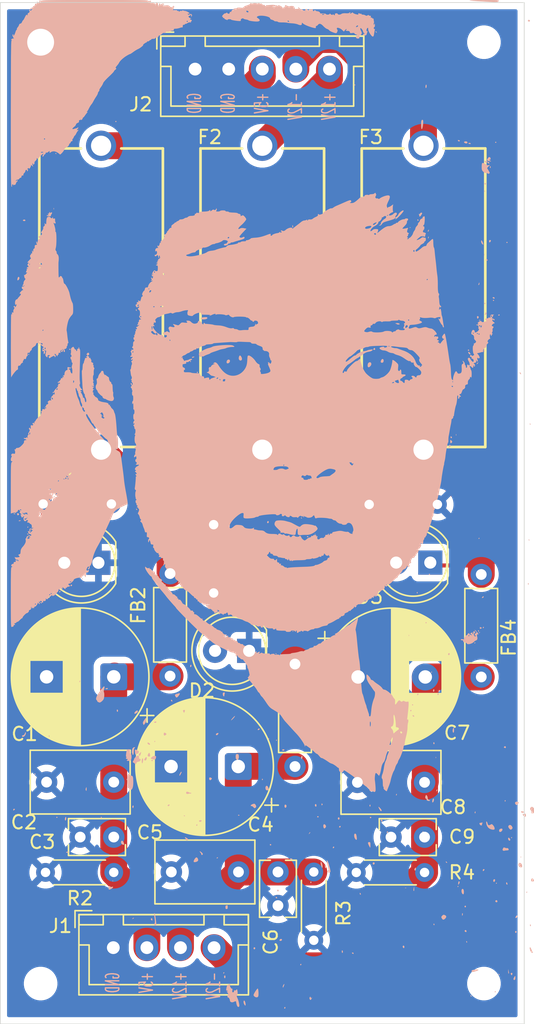
<source format=kicad_pcb>
(kicad_pcb (version 20241229) (generator "pcbnew") (generator_version "9.0")
  (layers (0 "F.Cu" signal) (2 "B.Cu" signal) (13 "F.Paste" user) (15 "B.Paste" user) (5 "F.SilkS" user "F.Silkscreen") (7 "B.SilkS" user "B.Silkscreen") (1 "F.Mask" user) (3 "B.Mask" user) (25 "Edge.Cuts" user))
  (net 0 "")
  (net 1 "Net-(J1-Pin_2)")
  (net 2 "GND")
  (net 3 "+12V")
  (net 4 "Net-(J1-Pin_3)")
  (net 5 "Net-(J1-Pin_4)")
  (net 6 "/+5Vout")
  (net 7 "/+Vout")
  (net 8 "Net-(D1-A)")
  (net 9 "Net-(D2-A)")
  (net 10 "Net-(D3-A)")
  (net 11 "-12V")
  (net 12 "+5V")
  (net 13 "/-Vout")
  (footprint "Capacitor_THT:C_Rect_L7.2mm_W4.5mm_P5.00mm_FKS2_FKP2_MKS2_MKP2" (layer "F.Cu") (at 143.443367 106.018641)
    (property "Reference" "C2")
    (property "Value" "1uF")
  )
  (footprint "Resistor_THT:R_Axial_DIN0204_L3.6mm_D1.6mm_P5.08mm_Horizontal" (layer "F.Cu") (at 167.45579 85.371938)
    (property "Reference" "R6")
    (property "Value" "3.3k")
  )
  (footprint "Resistor_THT:R_Axial_DIN0204_L3.6mm_D1.6mm_P5.08mm_Horizontal" (layer "F.Cu") (at 166.49941 112.738751)
    (property "Reference" "R4")
    (property "Value" "22k")
  )
  (footprint "MountingHole:MountingHole_2mm" (layer "F.Cu") (at 143 121)
    (property "Reference" "REF**" (hide yes))
    (property "Value" "MountingHole_2mm" (hide yes))
  )
  (footprint "MountingHole:MountingHole_2mm" (layer "F.Cu") (at 176 51)
    (property "Reference" "REF**" (hide yes))
    (property "Value" "MountingHole_2mm" (hide yes))
  )
  (footprint "Capacitor_THT:CP_Radial_D10.0mm_P5.00mm" (layer "F.Cu") (at 157.709104 104.858699 180)
    (property "Reference" "C4")
    (property "Value" "470uF")
  )
  (footprint "Connector_JST:JST_XH_B4B-XH-A_1x04_P2.50mm_Vertical" (layer "F.Cu") (at 148.409529 118.328189)
    (property "Reference" "J1")
    (property "Value" "PWR_OUT")
  )
  (footprint "Capacitor_THT:CP_Radial_D10.0mm_P5.00mm" (layer "F.Cu") (at 166.632323 98.200085)
    (property "Reference" "C7")
    (property "Value" "470uF")
  )
  (footprint "Capacitor_THT:C_Rect_L4.0mm_W2.5mm_P2.50mm" (layer "F.Cu") (at 169.07941 110.107884)
    (property "Reference" "C9")
    (property "Value" "0.1uF")
  )
  (footprint "Resistor_THT:R_Axial_DIN0204_L3.6mm_D1.6mm_P5.08mm_Horizontal" (layer "F.Cu") (at 155.879788 86.875059 -90)
    (property "Reference" "R5")
    (property "Value" "4.7k")
  )
  (footprint "Inductor_THT:L_Axial_L5.3mm_D2.2mm_P7.62mm_Horizontal_Vishay_IM-1" (layer "F.Cu") (at 175.798913 90.580085 -90)
    (property "Reference" "FB4")
    (property "Value" "100@100MHz")
  )
  (footprint "Resistor_THT:R_Axial_DIN0204_L3.6mm_D1.6mm_P5.08mm_Horizontal" (layer "F.Cu") (at 143.363367 112.732182)
    (property "Reference" "R2")
    (property "Value" "10k")
  )
  (footprint "Capacitor_THT:CP_Radial_D10.0mm_P5.00mm" (layer "F.Cu") (at 148.443367 98.190216 180)
    (property "Reference" "C1")
    (property "Value" "1000uF")
  )
  (footprint "LED_THT:LED_D5.0mm" (layer "F.Cu") (at 147.30068 89.708898 180)
    (property "Reference" "D1")
    (property "Value" "LED")
  )
  (footprint "Capacitor_THT:C_Rect_L4.0mm_W2.5mm_P2.50mm" (layer "F.Cu") (at 145.943367 110.1047)
    (property "Reference" "C3")
    (property "Value" "0.1uF")
  )
  (footprint "WurthElektronik_696101000002:696101000002" (layer "F.Cu") (at 159.5 70 -90)
    (property "Reference" "F2")
    (property "Value" "500mA")
  )
  (footprint "WurthElektronik_696101000002:696101000002" (layer "F.Cu") (at 171.5 70 -90)
    (property "Reference" "F3")
    (property "Value" "250mA")
  )
  (footprint "Capacitor_THT:C_Rect_L7.2mm_W4.5mm_P5.00mm_FKS2_FKP2_MKS2_MKP2" (layer "F.Cu") (at 152.728019 112.700747)
    (property "Reference" "C5")
    (property "Value" "1uF")
  )
  (footprint "MountingHole:MountingHole_2mm" (layer "F.Cu") (at 176 121)
    (property "Reference" "REF**" (hide yes))
    (property "Value" "MountingHole_2mm" (hide yes))
  )
  (footprint "Inductor_THT:L_Axial_L5.3mm_D2.2mm_P7.62mm_Horizontal_Vishay_IM-1" (layer "F.Cu") (at 152.63549 90.513258 -90)
    (property "Reference" "FB2")
    (property "Value" "100@100MHz")
  )
  (footprint "WurthElektronik_696101000002:696101000002" (layer "F.Cu") (at 147.5 70 -90)
    (property "Reference" "F1")
    (property "Value" "500mA")
  )
  (footprint "Resistor_THT:R_Axial_DIN0204_L3.6mm_D1.6mm_P5.08mm_Horizontal" (layer "F.Cu") (at 148.267689 85.337534 180)
    (property "Reference" "R1")
    (property "Value" "1.0k")
  )
  (footprint "Connector_JST:JST_XH_B5B-XH-A_1x05_P2.50mm_Vertical" (layer "F.Cu") (at 154.5 53)
    (property "Reference" "J2")
    (property "Value" "POWER_IN_BRD")
  )
  (footprint "LED_THT:LED_D5.0mm" (layer "F.Cu") (at 158.52244 96.25584 180)
    (property "Reference" "D2")
    (property "Value" "LED")
  )
  (footprint "Capacitor_THT:C_Rect_L4.0mm_W2.5mm_P2.50mm" (layer "F.Cu") (at 160.666148 115.200747 90)
    (property "Reference" "C6")
    (property "Value" "0.1uF")
  )
  (footprint "Resistor_THT:R_Axial_DIN0204_L3.6mm_D1.6mm_P5.08mm_Horizontal" (layer "F.Cu") (at 163.332773 117.780747 90)
    (property "Reference" "R3")
    (property "Value" "22k")
  )
  (footprint "LED_THT:LED_D5.0mm" (layer "F.Cu") (at 172.005984 89.695378 180)
    (property "Reference" "D3")
    (property "Value" "LED")
  )
  (footprint "Inductor_THT:L_Axial_L5.3mm_D2.2mm_P7.62mm_Horizontal_Vishay_IM-1" (layer "F.Cu") (at 161.934694 97.239452 -90)
    (property "Reference" "FB3")
    (property "Value" "100@100MHz")
  )
  (footprint "MountingHole:MountingHole_2mm" (layer "F.Cu") (at 143 51)
    (property "Reference" "REF**" (hide yes))
    (property "Value" "MountingHole_2mm" (hide yes))
  )
  (footprint "Capacitor_THT:C_Rect_L7.2mm_W4.5mm_P5.00mm_FKS2_FKP2_MKS2_MKP2" (layer "F.Cu") (at 166.57941 106.03628)
    (property "Reference" "C8")
    (property "Value" "1uF")
  )
  (gr_poly (pts (xy 150.59702 104.253196) (xy 150.601143 104.254818) (xy 150.605254 104.257359) (xy 150.609341 104.260842) (xy 150.61339 104.265291) (xy 150.61739 104.270728) (xy 150.621329 104.277177) (xy 150.623947 104.282937) (xy 150.626114 104.289992) (xy 150.62916 104.307595) (xy 150.630598 104.329212) (xy 150.63056 104.354069) (xy 150.629176 104.381389) (xy 150.626579 104.410399) (xy 150.622899 104.440323) (xy 150.618268 104.470387) (xy 150.612817 104.499816) (xy 150.606677 104.527835) (xy 150.599979 104.553669) (xy 150.592856 104.576543) (xy 150.585438 104.595683) (xy 150.577856 104.610314) (xy 150.574045 104.615696) (xy 150.570242 104.619661) (xy 150.566464 104.62211) (xy 150.562727 104.622948) (xy 150.560818 104.622733) (xy 150.558932 104.622093) (xy 150.557074 104.62104) (xy 150.555244 104.619584) (xy 150.553446 104.617735) (xy 150.551681 104.615505) (xy 150.549953 104.612903) (xy 150.548263 104.609941) (xy 150.546614 104.606629) (xy 150.545009 104.602976) (xy 150.543449 104.598995) (xy 150.541937 104.594696) (xy 150.539067 104.585184) (xy 150.536419 104.574525) (xy 150.53401 104.562803) (xy 150.531861 104.550103) (xy 150.52999 104.53651) (xy 150.528416 104.522108) (xy 150.527159 104.506981) (xy 150.526237 104.491215) (xy 150.52567 104.474893) (xy 150.525477 104.4581) (xy 150.526096 104.43006) (xy 150.527887 104.40339) (xy 150.530754 104.378273) (xy 150.534598 104.354895) (xy 150.539321 104.333441) (xy 150.544825 104.314094) (xy 150.551013 104.29704) (xy 150.557787 104.282463) (xy 150.565049 104.270548) (xy 150.568832 104.265646) (xy 150.572701 104.261479) (xy 150.576643 104.258069) (xy 150.580645 104.255441) (xy 150.584697 104.253616) (xy 150.588784 104.252618) (xy 150.592896 104.252471)) (fill yes) (layer "B.SilkS"))
  (gr_poly (pts (xy 149.92785 116.100577) (xy 149.929553 116.100818) (xy 149.931138 116.101221) (xy 149.932601 116.101786) (xy 149.93394 116.102513) (xy 149.935151 116.103403) (xy 149.936231 116.104457) (xy 149.937177 116.105675) (xy 149.937986 116.107057) (xy 149.938655 116.108604) (xy 149.939181 116.110317) (xy 149.93956 116.112195) (xy 149.93979 116.11424) (xy 149.939867 116.116452) (xy 149.939785 116.118661) (xy 149.939542 116.120904) (xy 149.939141 116.123177) (xy 149.938586 116.125476) (xy 149.937883 116.127796) (xy 149.937034 116.130134) (xy 149.936043 116.132484) (xy 149.934916 116.134844) (xy 149.933655 116.137207) (xy 149.932265 116.139571) (xy 149.929113 116.144283) (xy 149.925492 116.148944) (xy 149.921435 116.153521) (xy 149.916973 116.15798) (xy 149.91214 116.162285) (xy 149.906966 116.166404) (xy 149.901485 116.170302) (xy 149.895728 116.173945) (xy 149.889728 116.177299) (xy 149.883517 116.18033) (xy 149.877127 116.183003) (xy 149.870735 116.185381) (xy 149.864522 116.187545) (xy 149.858521 116.18949) (xy 149.852764 116.19121) (xy 149.847283 116.192702) (xy 149.842109 116.19396) (xy 149.837276 116.19498) (xy 149.832815 116.195756) (xy 149.828758 116.196283) (xy 149.825138 116.196557) (xy 149.821987 116.196572) (xy 149.819337 116.196324) (xy 149.817219 116.195808) (xy 149.81637 116.195448) (xy 149.815667 116.195019) (xy 149.815113 116.19452) (xy 149.814712 116.193951) (xy 149.814469 116.193312) (xy 149.814387 116.192601) (xy 149.814469 116.191788) (xy 149.814712 116.190851) (xy 149.815113 116.189794) (xy 149.815667 116.188621) (xy 149.81722 116.185945) (xy 149.819338 116.182858) (xy 149.821989 116.179393) (xy 149.825141 116.175584) (xy 149.828762 116.171466) (xy 149.832819 116.167071) (xy 149.837281 116.162435) (xy 149.842114 116.15759) (xy 149.847288 116.152572) (xy 149.852769 116.147413) (xy 149.858526 116.142149) (xy 149.864526 116.136812) (xy 149.870737 116.131437) (xy 149.877127 116.126057) (xy 149.883792 116.120734) (xy 149.890208 116.116023) (xy 149.896349 116.111928) (xy 149.90219 116.108451) (xy 149.907706 116.105599) (xy 149.912874 116.103373) (xy 149.917667 116.101778) (xy 149.919916 116.101219) (xy 149.922061 116.100818) (xy 149.924101 116.100578) (xy 149.926032 116.100497)) (fill yes) (layer "B.SilkS"))
  (gr_poly (pts (xy 160.159076 107.425796) (xy 160.163458 107.426595) (xy 160.167338 107.42789) (xy 160.170728 107.429648) (xy 160.173639 107.43184) (xy 160.176082 107.434433) (xy 160.178069 107.437398) (xy 160.17961 107.440703) (xy 160.180717 107.444317) (xy 160.181402 107.448208) (xy 160.181675 107.452347) (xy 160.181547 107.456702) (xy 160.18103 107.461242) (xy 160.180136 107.465937) (xy 160.178874 107.470754) (xy 160.177258 107.475663) (xy 160.175296 107.480633) (xy 160.173002 107.485634) (xy 160.170386 107.490633) (xy 160.16746 107.4956) (xy 160.164234 107.500505) (xy 160.16072 107.505316) (xy 160.156929 107.510001) (xy 160.152872 107.514531) (xy 160.148561 107.518874) (xy 160.144006 107.522999) (xy 160.13922 107.526875) (xy 160.134213 107.530471) (xy 160.128996 107.533756) (xy 160.123581 107.536699) (xy 160.117979 107.53927) (xy 160.112201 107.541436) (xy 160.109397 107.542306) (xy 160.106719 107.543006) (xy 160.104166 107.543537) (xy 160.101739 107.5439) (xy 160.09944 107.544098) (xy 160.097269 107.544131) (xy 160.095225 107.544) (xy 160.093311 107.543708) (xy 160.091527 107.543255) (xy 160.089874 107.542643) (xy 160.088351 107.541874) (xy 160.086961 107.540948) (xy 160.085703 107.539868) (xy 160.084579 107.538634) (xy 160.083588 107.537248) (xy 160.082732 107.535711) (xy 160.082012 107.534025) (xy 160.081427 107.532191) (xy 160.08098 107.530211) (xy 160.08067 107.528085) (xy 160.080498 107.525816) (xy 160.080464 107.523404) (xy 160.080571 107.520852) (xy 160.080817 107.51816) (xy 160.081205 107.51533) (xy 160.081734 107.512363) (xy 160.082405 107.509261) (xy 160.083219 107.506024) (xy 160.084177 107.502656) (xy 160.08528 107.499156) (xy 160.086527 107.495526) (xy 160.08792 107.491769) (xy 160.087922 107.491761) (xy 160.090724 107.485014) (xy 160.093862 107.478455) (xy 160.097304 107.47212) (xy 160.101015 107.466042) (xy 160.104962 107.460255) (xy 160.109109 107.454793) (xy 160.113424 107.44969) (xy 160.117873 107.44498) (xy 160.12242 107.440697) (xy 160.127034 107.436875) (xy 160.131678 107.433548) (xy 160.13632 107.430749) (xy 160.140925 107.428514) (xy 160.143203 107.427617) (xy 160.14546 107.426874) (xy 160.14769 107.426289) (xy 160.14989 107.425866) (xy 160.152055 107.425609) (xy 160.154182 107.425523)) (fill yes) (layer "B.SilkS"))
  (gr_poly (pts (xy 177.576481 103.347842) (xy 177.581283 103.348422) (xy 177.585951 103.349469) (xy 177.590471 103.350978) (xy 177.594828 103.352941) (xy 177.599008 103.355355) (xy 177.602997 103.358213) (xy 177.606781 103.36151) (xy 177.610344 103.365239) (xy 177.613672 103.369396) (xy 177.616752 103.373975) (xy 177.619569 103.37897) (xy 177.622108 103.384375) (xy 177.624355 103.390185) (xy 177.626296 103.396395) (xy 177.627916 103.402998) (xy 177.629201 103.40999) (xy 177.630137 103.417363) (xy 177.630709 103.425114) (xy 177.630903 103.433236) (xy 177.63083 103.43892) (xy 177.630606 103.444281) (xy 177.630223 103.449319) (xy 177.629674 103.454038) (xy 177.628949 103.458439) (xy 177.628042 103.462525) (xy 177.626944 103.466297) (xy 177.625647 103.469759) (xy 177.624143 103.472912) (xy 177.622424 103.475758) (xy 177.620483 103.4783) (xy 177.618311 103.480539) (xy 177.6159 103.482479) (xy 177.613243 103.48412) (xy 177.610331 103.485466) (xy 177.607156 103.486519) (xy 177.603711 103.48728) (xy 177.599987 103.487752) (xy 177.595976 103.487937) (xy 177.591671 103.487837) (xy 177.587063 103.487455) (xy 177.582145 103.486792) (xy 177.576908 103.485851) (xy 177.571345 103.484634) (xy 177.565447 103.483144) (xy 177.559207 103.481382) (xy 177.552616 103.47935) (xy 177.545667 103.477051) (xy 177.530662 103.47166) (xy 177.514127 103.465226) (xy 177.514108 103.465226) (xy 177.510355 103.463666) (xy 177.506836 103.462088) (xy 177.50355 103.460488) (xy 177.500497 103.458861) (xy 177.497677 103.457205) (xy 177.495089 103.455513) (xy 177.492733 103.453782) (xy 177.49061 103.452008) (xy 177.488717 103.450187) (xy 177.487056 103.448313) (xy 177.485626 103.446383) (xy 177.484427 103.444393) (xy 177.483458 103.442338) (xy 177.482719 103.440215) (xy 177.48221 103.438018) (xy 177.48193 103.435743) (xy 177.481879 103.433387) (xy 177.482057 103.430944) (xy 177.482464 103.428412) (xy 177.483099 103.425784) (xy 177.483962 103.423058) (xy 177.485052 103.420229) (xy 177.48637 103.417292) (xy 177.487915 103.414244) (xy 177.489686 103.411079) (xy 177.491684 103.407795) (xy 177.493908 103.404386) (xy 177.496358 103.400848) (xy 177.499033 103.397177) (xy 177.501933 103.393369) (xy 177.508409 103.385323) (xy 177.513644 103.379325) (xy 177.518932 103.373867) (xy 177.524258 103.368942) (xy 177.529609 103.364547) (xy 177.534969 103.360674) (xy 177.540325 103.357318) (xy 177.545662 103.354474) (xy 177.550966 103.352137) (xy 177.556222 103.350299) (xy 177.561415 103.348957) (xy 177.566533 103.348103) (xy 177.57156 103.347733)) (fill yes) (layer "B.SilkS"))
  (gr_poly (pts (xy 162.404762 86.343653) (xy 162.407004 86.343815) (xy 162.409214 86.344082) (xy 162.41139 86.344452) (xy 162.413528 86.344921) (xy 162.415626 86.345487) (xy 162.417681 86.346147) (xy 162.419691 86.346899) (xy 162.421652 86.347739) (xy 162.423561 86.348666) (xy 162.425416 86.349676) (xy 162.427214 86.350767) (xy 162.428952 86.351936) (xy 162.430627 86.35318) (xy 162.432236 86.354498) (xy 162.433777 86.355885) (xy 162.435247 86.35734) (xy 162.436642 86.35886) (xy 162.43796 86.360441) (xy 162.439198 86.362082) (xy 162.440354 86.36378) (xy 162.441424 86.365532) (xy 162.442405 86.367335) (xy 162.443296 86.369186) (xy 162.444092 86.371084) (xy 162.444791 86.373025) (xy 162.445391 86.375007) (xy 162.445888 86.377026) (xy 162.446279 86.379081) (xy 162.446562 86.381168) (xy 162.446734 86.383286) (xy 162.446792 86.38543) (xy 162.446696 86.389691) (xy 162.446415 86.393832) (xy 162.445959 86.397832) (xy 162.445336 86.401671) (xy 162.444557 86.405325) (xy 162.44363 86.408775) (xy 162.442566 86.411997) (xy 162.441373 86.414972) (xy 162.440061 86.417677) (xy 162.43864 86.420091) (xy 162.437118 86.422193) (xy 162.435507 86.423961) (xy 162.433813 86.425373) (xy 162.432939 86.425939) (xy 162.432049 86.426408) (xy 162.431142 86.426778) (xy 162.430222 86.427045) (xy 162.429288 86.427207) (xy 162.428342 86.427262) (xy 162.427362 86.427207) (xy 162.426328 86.427045) (xy 162.425242 86.426778) (xy 162.424107 86.426408) (xy 162.422927 86.425939) (xy 162.421703 86.425373) (xy 162.420439 86.424713) (xy 162.419137 86.423962) (xy 162.416433 86.422194) (xy 162.413614 86.420093) (xy 162.410701 86.41768) (xy 162.407718 86.414975) (xy 162.404687 86.412) (xy 162.401631 86.408778) (xy 162.398573 86.405328) (xy 162.395535 86.401674) (xy 162.392541 86.397835) (xy 162.389612 86.393834) (xy 162.386771 86.389692) (xy 162.384042 86.38543) (xy 162.382775 86.383286) (xy 162.381638 86.381168) (xy 162.380632 86.379081) (xy 162.379754 86.377026) (xy 162.379003 86.375007) (xy 162.378378 86.373025) (xy 162.377878 86.371084) (xy 162.377502 86.369186) (xy 162.377248 86.367335) (xy 162.377116 86.365532) (xy 162.377104 86.36378) (xy 162.377211 86.362082) (xy 162.377435 86.360441) (xy 162.377776 86.35886) (xy 162.378233 86.35734) (xy 162.378804 86.355885) (xy 162.379487 86.354498) (xy 162.380283 86.35318) (xy 162.381189 86.351936) (xy 162.382205 86.350767) (xy 162.383328 86.349676) (xy 162.384559 86.348666) (xy 162.385896 86.347739) (xy 162.387337 86.346899) (xy 162.388882 86.346147) (xy 162.390529 86.345487) (xy 162.392277 86.344921) (xy 162.394125 86.344452) (xy 162.396072 86.344082) (xy 162.398116 86.343815) (xy 162.400256 86.343653) (xy 162.402492 86.343598)) (fill yes) (layer "B.SilkS"))
  (gr_poly (pts (xy 178.452425 107.473655) (xy 178.465792 107.475166) (xy 178.479408 107.477711) (xy 178.493224 107.481329) (xy 178.507189 107.486057) (xy 178.521252 107.491935) (xy 178.535364 107.498998) (xy 178.549474 107.507287) (xy 178.554214 107.510344) (xy 178.558631 107.513326) (xy 178.562724 107.516246) (xy 178.566492 107.519116) (xy 178.569931 107.521951) (xy 178.573042 107.524761) (xy 178.575821 107.527562) (xy 178.578267 107.530365) (xy 178.580379 107.533183) (xy 178.582154 107.53603) (xy 178.583591 107.538919) (xy 178.584689 107.541862) (xy 178.585444 107.544873) (xy 178.585856 107.547963) (xy 178.585923 107.551148) (xy 178.585643 107.554438) (xy 178.585014 107.557848) (xy 178.584034 107.56139) (xy 178.582702 107.565078) (xy 178.581017 107.568924) (xy 178.578975 107.572941) (xy 178.576576 107.577142) (xy 178.573818 107.58154) (xy 178.570698 107.586148) (xy 178.567216 107.590979) (xy 178.563369 107.596047) (xy 178.559156 107.601363) (xy 178.554575 107.606942) (xy 178.544301 107.618936) (xy 178.532533 107.632134) (xy 178.51602 107.650021) (xy 178.500812 107.665662) (xy 178.486767 107.679078) (xy 178.480138 107.684959) (xy 178.473746 107.690292) (xy 178.467576 107.695079) (xy 178.46161 107.699324) (xy 178.455829 107.703029) (xy 178.450217 107.706197) (xy 178.444755 107.70883) (xy 178.439427 107.710932) (xy 178.434215 107.712504) (xy 178.429102 107.71355) (xy 178.424069 107.714073) (xy 178.4191 107.714074) (xy 178.414177 107.713557) (xy 178.409282 107.712525) (xy 178.404398 107.710979) (xy 178.399507 107.708924) (xy 178.394592 107.706361) (xy 178.389636 107.703293) (xy 178.384621 107.699723) (xy 178.379529 107.695654) (xy 178.374342 107.691088) (xy 178.369045 107.686029) (xy 178.358044 107.674438) (xy 178.346387 107.660905) (xy 178.337178 107.648909) (xy 178.329475 107.636997) (xy 178.323228 107.625208) (xy 178.318387 107.613578) (xy 178.314901 107.602146) (xy 178.312721 107.590951) (xy 178.311795 107.580029) (xy 178.312074 107.56942) (xy 178.313508 107.55916) (xy 178.316046 107.549289) (xy 178.319637 107.539844) (xy 178.324233 107.530863) (xy 178.329781 107.522384) (xy 178.336233 107.514446) (xy 178.343537 107.507086) (xy 178.351644 107.500342) (xy 178.360503 107.494253) (xy 178.370065 107.488855) (xy 178.380277 107.484189) (xy 178.391092 107.48029) (xy 178.402457 107.477198) (xy 178.414323 107.474951) (xy 178.42664 107.473586) (xy 178.439357 107.473141)) (fill yes) (layer "B.SilkS"))
  (gr_poly (pts (xy 161.632438 111.692954) (xy 161.643827 111.693526) (xy 161.65483 111.694499) (xy 161.665385 111.695852) (xy 161.675435 111.697563) (xy 161.68492 111.699611) (xy 161.693782 111.701976) (xy 161.701961 111.704635) (xy 161.709399 111.707569) (xy 161.716036 111.710755) (xy 161.721814 111.714172) (xy 161.726673 111.7178) (xy 161.730556 111.721618) (xy 161.732112 111.723591) (xy 161.733402 111.725603) (xy 161.734418 111.727652) (xy 161.735153 111.729736) (xy 161.735599 111.731851) (xy 161.735749 111.733994) (xy 161.735502 111.738797) (xy 161.73477 111.743291) (xy 161.733569 111.747474) (xy 161.731917 111.751348) (xy 161.729829 111.754911) (xy 161.727322 111.758165) (xy 161.724411 111.761109) (xy 161.721115 111.763743) (xy 161.717447 111.766067) (xy 161.713426 111.768082) (xy 161.709068 111.769786) (xy 161.704388 111.77118) (xy 161.699402 111.772265) (xy 161.694129 111.77304) (xy 161.688582 111.773504) (xy 161.68278 111.773659) (xy 161.676738 111.773504) (xy 161.670472 111.77304) (xy 161.664 111.772265) (xy 161.657336 111.77118) (xy 161.650499 111.769786) (xy 161.643502 111.768082) (xy 161.636365 111.766067) (xy 161.629101 111.763743) (xy 161.621728 111.761109) (xy 161.614263 111.758165) (xy 161.606721 111.754911) (xy 161.599119 111.751348) (xy 161.591472 111.747474) (xy 161.583798 111.743291) (xy 161.576113 111.738797) (xy 161.568433 111.733994) (xy 161.568429 111.733994) (xy 161.559975 111.728329) (xy 161.556287 111.725689) (xy 161.552963 111.723172) (xy 161.550006 111.720777) (xy 161.547419 111.718501) (xy 161.545205 111.716342) (xy 161.543369 111.714297) (xy 161.541912 111.712364) (xy 161.540839 111.710539) (xy 161.540152 111.708821) (xy 161.539854 111.707207) (xy 161.539853 111.706438) (xy 161.53995 111.705694) (xy 161.540146 111.704974) (xy 161.540441 111.70428) (xy 161.541332 111.702961) (xy 161.542626 111.701737) (xy 161.544325 111.700604) (xy 161.546434 111.699559) (xy 161.548955 111.698601) (xy 161.551891 111.697725) (xy 161.555246 111.696931) (xy 161.559024 111.696215) (xy 161.563226 111.695575) (xy 161.567857 111.695008) (xy 161.57292 111.694512) (xy 161.578418 111.694083) (xy 161.590731 111.693421) (xy 161.604823 111.693002) (xy 161.620719 111.692803)) (fill yes) (layer "B.SilkS"))
  (gr_poly (pts (xy 176.880114 58.402005) (xy 176.882231 58.402167) (xy 176.884318 58.402434) (xy 176.886373 58.402803) (xy 176.888392 58.403272) (xy 176.890374 58.403837) (xy 176.892315 58.404496) (xy 176.894212 58.405247) (xy 176.896064 58.406087) (xy 176.897867 58.407013) (xy 176.899618 58.408022) (xy 176.901316 58.409112) (xy 176.902956 58.41028) (xy 176.904538 58.411523) (xy 176.906057 58.412839) (xy 176.907512 58.414225) (xy 176.908899 58.415679) (xy 176.910216 58.417197) (xy 176.911461 58.418778) (xy 176.91263 58.420417) (xy 176.91372 58.422114) (xy 176.91473 58.423864) (xy 176.915657 58.425666) (xy 176.916497 58.427516) (xy 176.917249 58.429413) (xy 176.917909 58.431353) (xy 176.918475 58.433333) (xy 176.918944 58.435352) (xy 176.919313 58.437405) (xy 176.91958 58.439492) (xy 176.919742 58.441608) (xy 176.919797 58.443752) (xy 176.919742 58.445896) (xy 176.91958 58.448012) (xy 176.919313 58.450099) (xy 176.918944 58.452152) (xy 176.918475 58.454171) (xy 176.917909 58.456151) (xy 176.917249 58.458091) (xy 176.916497 58.459988) (xy 176.915657 58.461838) (xy 176.91473 58.46364) (xy 176.91372 58.46539) (xy 176.91263 58.467087) (xy 176.911461 58.468727) (xy 176.910216 58.470307) (xy 176.908899 58.471825) (xy 176.907512 58.473279) (xy 176.906057 58.474665) (xy 176.904538 58.475981) (xy 176.902956 58.477224) (xy 176.901316 58.478392) (xy 176.899618 58.479482) (xy 176.897867 58.480491) (xy 176.896064 58.481417) (xy 176.894212 58.482257) (xy 176.892315 58.483008) (xy 176.890374 58.483667) (xy 176.888392 58.484232) (xy 176.886373 58.484701) (xy 176.884318 58.48507) (xy 176.882231 58.485337) (xy 176.880114 58.485499) (xy 176.877969 58.485553) (xy 176.875825 58.485499) (xy 176.873707 58.485337) (xy 176.87162 58.48507) (xy 176.869565 58.484701) (xy 176.867546 58.484232) (xy 176.865564 58.483667) (xy 176.863623 58.483008) (xy 176.861726 58.482257) (xy 176.859874 58.481417) (xy 176.858071 58.480491) (xy 176.85632 58.479482) (xy 176.854622 58.478392) (xy 176.852982 58.477224) (xy 176.8514 58.475981) (xy 176.849881 58.474665) (xy 176.848426 58.473279) (xy 176.847039 58.471825) (xy 176.845722 58.470307) (xy 176.844477 58.468727) (xy 176.843308 58.467087) (xy 176.842218 58.46539) (xy 176.841208 58.46364) (xy 176.840281 58.461838) (xy 176.839441 58.459988) (xy 176.838689 58.458091) (xy 176.838029 58.456151) (xy 176.837463 58.454171) (xy 176.836994 58.452152) (xy 176.836625 58.450099) (xy 176.836358 58.448012) (xy 176.836196 58.445896) (xy 176.836141 58.443752) (xy 176.836196 58.441608) (xy 176.836358 58.439492) (xy 176.836625 58.437405) (xy 176.836994 58.435352) (xy 176.837463 58.433333) (xy 176.838029 58.431353) (xy 176.838689 58.429413) (xy 176.839441 58.427516) (xy 176.840281 58.425666) (xy 176.841208 58.423864) (xy 176.842218 58.422114) (xy 176.843308 58.420417) (xy 176.844477 58.418778) (xy 176.845722 58.417197) (xy 176.847039 58.415679) (xy 176.848426 58.414225) (xy 176.849881 58.412839) (xy 176.8514 58.411523) (xy 176.852982 58.41028) (xy 176.854622 58.409112) (xy 176.85632 58.408022) (xy 176.858071 58.407013) (xy 176.859874 58.406087) (xy 176.861726 58.405247) (xy 176.863623 58.404496) (xy 176.865564 58.403837) (xy 176.867546 58.403272) (xy 176.869565 58.402803) (xy 176.87162 58.402434) (xy 176.873707 58.402167) (xy 176.875825 58.402005) (xy 176.877969 58.401951)) (fill yes) (layer "B.SilkS"))
  (gr_poly (pts (xy 179.306196 91.237658) (xy 179.308313 91.23782) (xy 179.310401 91.238087) (xy 179.312456 91.238457) (xy 179.314475 91.238926) (xy 179.316457 91.239492) (xy 179.318398 91.240152) (xy 179.320295 91.240903) (xy 179.322147 91.241744) (xy 179.32395 91.242671) (xy 179.325702 91.243681) (xy 179.327399 91.244772) (xy 179.32904 91.245941) (xy 179.330622 91.247185) (xy 179.332142 91.248503) (xy 179.333596 91.24989) (xy 179.334984 91.251345) (xy 179.336301 91.252864) (xy 179.337546 91.254446) (xy 179.338715 91.256087) (xy 179.339806 91.257785) (xy 179.340816 91.259536) (xy 179.341743 91.261339) (xy 179.342583 91.263191) (xy 179.343335 91.265089) (xy 179.343995 91.26703) (xy 179.344561 91.269011) (xy 179.34503 91.271031) (xy 179.345399 91.273086) (xy 179.345667 91.275173) (xy 179.345829 91.27729) (xy 179.345884 91.279435) (xy 179.345829 91.281579) (xy 179.345667 91.283695) (xy 179.345399 91.285782) (xy 179.34503 91.287837) (xy 179.344561 91.289856) (xy 179.343995 91.291837) (xy 179.343335 91.293778) (xy 179.342583 91.295675) (xy 179.341743 91.297527) (xy 179.340816 91.29933) (xy 179.339806 91.301082) (xy 179.338715 91.302779) (xy 179.337546 91.30442) (xy 179.336301 91.306002) (xy 179.334984 91.307522) (xy 179.333596 91.308977) (xy 179.332142 91.310364) (xy 179.330622 91.311682) (xy 179.32904 91.312927) (xy 179.327399 91.314096) (xy 179.325702 91.315187) (xy 179.32395 91.316198) (xy 179.322147 91.317125) (xy 179.320295 91.317965) (xy 179.318398 91.318717) (xy 179.316457 91.319378) (xy 179.314475 91.319944) (xy 179.312456 91.320413) (xy 179.310401 91.320782) (xy 179.308313 91.32105) (xy 179.306196 91.321212) (xy 179.304052 91.321267) (xy 179.301908 91.321212) (xy 179.299792 91.32105) (xy 179.297705 91.320783) (xy 179.295651 91.320413) (xy 179.293632 91.319944) (xy 179.291651 91.319378) (xy 179.289711 91.318718) (xy 179.287813 91.317966) (xy 179.285962 91.317126) (xy 179.284159 91.316199) (xy 179.282408 91.315189) (xy 179.28071 91.314098) (xy 179.279069 91.312929) (xy 179.277487 91.311684) (xy 179.275968 91.310367) (xy 179.274513 91.30898) (xy 179.273125 91.307525) (xy 179.271808 91.306005) (xy 179.270563 91.304424) (xy 179.269394 91.302783) (xy 179.268303 91.301085) (xy 179.267293 91.299333) (xy 179.266366 91.29753) (xy 179.265525 91.295679) (xy 179.264773 91.293781) (xy 179.264113 91.29184) (xy 179.263547 91.289858) (xy 179.263077 91.287839) (xy 179.262708 91.285784) (xy 179.262441 91.283697) (xy 179.262278 91.281579) (xy 179.262223 91.279435) (xy 179.262278 91.27729) (xy 179.26244 91.275173) (xy 179.262708 91.273086) (xy 179.263077 91.271031) (xy 179.263546 91.269011) (xy 179.264112 91.26703) (xy 179.264772 91.265089) (xy 179.265523 91.263191) (xy 179.266364 91.261339) (xy 179.26729 91.259536) (xy 179.2683 91.257785) (xy 179.269391 91.256087) (xy 179.27056 91.254446) (xy 179.271804 91.252864) (xy 179.273121 91.251345) (xy 179.274509 91.24989) (xy 179.275963 91.248503) (xy 179.277483 91.247185) (xy 179.279064 91.245941) (xy 179.280705 91.244772) (xy 179.282403 91.243681) (xy 179.284154 91.242671) (xy 179.285957 91.241744) (xy 179.287809 91.240903) (xy 179.289706 91.240152) (xy 179.291647 91.239492) (xy 179.293628 91.238926) (xy 179.295648 91.238457) (xy 179.297703 91.238087) (xy 179.29979 91.23782) (xy 179.301907 91.237658) (xy 179.304052 91.237603)) (fill yes) (layer "B.SilkS"))
  (gr_poly (pts (xy 146.115893 90.861193) (xy 146.116827 90.861355) (xy 146.117748 90.861622) (xy 146.118654 90.861992) (xy 146.119545 90.862461) (xy 146.120419 90.863027) (xy 146.121275 90.863687) (xy 146.122113 90.864439) (xy 146.122929 90.865279) (xy 146.123725 90.866206) (xy 146.124497 90.867216) (xy 146.125246 90.868307) (xy 146.12597 90.869476) (xy 146.126668 90.87072) (xy 146.127338 90.872038) (xy 146.12798 90.873425) (xy 146.128591 90.87488) (xy 146.129172 90.8764) (xy 146.129721 90.877981) (xy 146.130237 90.879622) (xy 146.130718 90.88132) (xy 146.131164 90.883072) (xy 146.131572 90.884875) (xy 146.131943 90.886726) (xy 146.132275 90.888624) (xy 146.132566 90.890565) (xy 146.132815 90.892547) (xy 146.133022 90.894566) (xy 146.133185 90.896621) (xy 146.133303 90.898708) (xy 146.133375 90.900826) (xy 146.133399 90.90297) (xy 146.133341 90.905115) (xy 146.133169 90.907232) (xy 146.132886 90.909319) (xy 146.132495 90.911374) (xy 146.131998 90.913393) (xy 146.131399 90.915375) (xy 146.1307 90.917316) (xy 146.129904 90.919214) (xy 146.129014 90.921065) (xy 146.128032 90.922868) (xy 146.126963 90.92462) (xy 146.125807 90.926318) (xy 146.124569 90.927959) (xy 146.123251 90.92954) (xy 146.121856 90.93106) (xy 146.120387 90.932515) (xy 146.118846 90.933902) (xy 146.117237 90.93522) (xy 146.115562 90.936464) (xy 146.113824 90.937633) (xy 146.112026 90.938724) (xy 146.110171 90.939734) (xy 146.108262 90.940661) (xy 146.106301 90.941502) (xy 146.104291 90.942253) (xy 146.102236 90.942913) (xy 146.100137 90.943479) (xy 146.097999 90.943948) (xy 146.095823 90.944318) (xy 146.093612 90.944585) (xy 146.09137 90.944747) (xy 146.089099 90.944802) (xy 146.086862 90.944747) (xy 146.084721 90.944585) (xy 146.082676 90.944318) (xy 146.080729 90.943948) (xy 146.07888 90.943479) (xy 146.077132 90.942913) (xy 146.075485 90.942253) (xy 146.07394 90.941502) (xy 146.072499 90.940661) (xy 146.071162 90.939734) (xy 146.069932 90.938724) (xy 146.068808 90.937633) (xy 146.067793 90.936464) (xy 146.066887 90.93522) (xy 146.066092 90.933902) (xy 146.065409 90.932515) (xy 146.064839 90.93106) (xy 146.064383 90.92954) (xy 146.064042 90.927959) (xy 146.063817 90.926318) (xy 146.063711 90.92462) (xy 146.063723 90.922868) (xy 146.063856 90.921065) (xy 146.06411 90.919214) (xy 146.064486 90.917316) (xy 146.064986 90.915375) (xy 146.06561 90.913393) (xy 146.066361 90.911374) (xy 146.067239 90.909319) (xy 146.068245 90.907232) (xy 146.069381 90.905115) (xy 146.070647 90.90297) (xy 146.073377 90.898708) (xy 146.076217 90.894566) (xy 146.079146 90.890565) (xy 146.082141 90.886726) (xy 146.085179 90.883072) (xy 146.088237 90.879622) (xy 146.091293 90.8764) (xy 146.094323 90.873425) (xy 146.097306 90.87072) (xy 146.100219 90.868307) (xy 146.103039 90.866206) (xy 146.105743 90.864439) (xy 146.108308 90.863027) (xy 146.110712 90.861992) (xy 146.111847 90.861622) (xy 146.112933 90.861355) (xy 146.113967 90.861193) (xy 146.114947 90.861138)) (fill yes) (layer "B.SilkS"))
  (gr_poly (pts (xy 179.34847 49.329507) (xy 179.351397 49.329799) (xy 179.354332 49.330322) (xy 179.357282 49.331078) (xy 179.360253 49.332064) (xy 179.363251 49.333282) (xy 179.366283 49.334731) (xy 179.369354 49.336411) (xy 179.372471 49.338322) (xy 179.37564 49.340464) (xy 179.378868 49.342836) (xy 179.38216 49.345439) (xy 179.388964 49.351335) (xy 179.3961 49.358151) (xy 179.402045 49.364536) (xy 179.407172 49.370944) (xy 179.411507 49.377349) (xy 179.415073 49.383727) (xy 179.417895 49.390053) (xy 179.42 49.396301) (xy 179.421411 49.402447) (xy 179.422153 49.408467) (xy 179.422252 49.414335) (xy 179.421732 49.420025) (xy 179.420618 49.425515) (xy 179.418935 49.430778) (xy 179.416708 49.435789) (xy 179.413961 49.440525) (xy 179.41072 49.444959) (xy 179.40701 49.449067) (xy 179.402855 49.452824) (xy 179.39828 49.456205) (xy 179.39331 49.459186) (xy 179.38797 49.461741) (xy 179.382284 49.463846) (xy 179.376279 49.465475) (xy 179.369978 49.466604) (xy 179.363407 49.467208) (xy 179.35659 49.467261) (xy 179.349552 49.46674) (xy 179.342318 49.465619) (xy 179.334914 49.463874) (xy 179.327363 49.461478) (xy 179.319691 49.458409) (xy 179.311922 49.45464) (xy 179.304082 49.450146) (xy 179.304071 49.450451) (xy 179.295361 49.444865) (xy 179.29142 49.442163) (xy 179.287755 49.439512) (xy 179.284364 49.436906) (xy 179.281247 49.434339) (xy 179.278403 49.431804) (xy 179.275831 49.429295) (xy 179.273531 49.426806) (xy 179.271503 49.424329) (xy 179.269744 49.42186) (xy 179.268255 49.41939) (xy 179.267035 49.416915) (xy 179.266083 49.414426) (xy 179.265398 49.411919) (xy 179.26498 49.409386) (xy 179.264828 49.406821) (xy 179.264941 49.404218) (xy 179.265319 49.40157) (xy 179.26596 49.398871) (xy 179.266865 49.396115) (xy 179.268032 49.393294) (xy 179.26946 49.390403) (xy 179.27115 49.387435) (xy 179.273099 49.384383) (xy 179.275309 49.381242) (xy 179.277777 49.378005) (xy 179.280503 49.374664) (xy 179.283486 49.371215) (xy 179.286726 49.367651) (xy 179.293973 49.36015) (xy 179.301349 49.353043) (xy 179.308359 49.346872) (xy 179.311743 49.344137) (xy 179.315054 49.341636) (xy 179.318299 49.339369) (xy 179.321483 49.337335) (xy 179.324614 49.335534) (xy 179.327697 49.333967) (xy 179.330739 49.332632) (xy 179.333746 49.33153) (xy 179.336724 49.330661) (xy 179.339679 49.330024) (xy 179.342618 49.32962) (xy 179.345546 49.329447)) (fill yes) (layer "B.SilkS"))
  (gr_poly (pts (xy 178.395023 117.088469) (xy 178.398974 117.089432) (xy 178.402641 117.090994) (xy 178.406024 117.093116) (xy 178.409124 117.095763) (xy 178.411941 117.098898) (xy 178.414477 117.102484) (xy 178.416731 117.106485) (xy 178.418705 117.110864) (xy 178.420399 117.115585) (xy 178.421814 117.120611) (xy 178.42295 117.125906) (xy 178.423808 117.131432) (xy 178.424389 117.137153) (xy 178.424694 117.143034) (xy 178.424722 117.149036) (xy 178.424476 117.155124) (xy 178.423954 117.161261) (xy 178.423159 117.16741) (xy 178.422091 117.173535) (xy 178.420749 117.179599) (xy 178.419136 117.185566) (xy 178.417252 117.191399) (xy 178.415096 117.197062) (xy 178.412671 117.202517) (xy 178.409976 117.207728) (xy 178.407013 117.21266) (xy 178.403782 117.217274) (xy 178.400283 117.221535) (xy 178.396517 117.225406) (xy 178.392486 117.22885) (xy 178.388189 117.231831) (xy 178.386239 117.232941) (xy 178.384256 117.233886) (xy 178.382244 117.234668) (xy 178.380207 117.235289) (xy 178.378147 117.235752) (xy 178.37607 117.236058) (xy 178.373979 117.236211) (xy 178.371877 117.236212) (xy 178.369769 117.236064) (xy 178.367659 117.235768) (xy 178.365549 117.235328) (xy 178.363445 117.234745) (xy 178.36135 117.234021) (xy 178.359267 117.233159) (xy 178.357201 117.232161) (xy 178.355156 117.231029) (xy 178.353134 117.229766) (xy 178.351141 117.228373) (xy 178.34918 117.226854) (xy 178.347254 117.225209) (xy 178.345368 117.223442) (xy 178.343525 117.221555) (xy 178.34173 117.219549) (xy 178.339986 117.217428) (xy 178.338296 117.215193) (xy 178.336665 117.212846) (xy 178.335097 117.210391) (xy 178.333595 117.207828) (xy 178.332164 117.205161) (xy 178.330806 117.202391) (xy 178.329526 117.199521) (xy 178.328328 117.196553) (xy 178.328336 117.196553) (xy 178.326277 117.190846) (xy 178.324511 117.185229) (xy 178.323036 117.179708) (xy 178.321847 117.174288) (xy 178.320941 117.168975) (xy 178.320315 117.163776) (xy 178.319965 117.158696) (xy 178.319887 117.153742) (xy 178.320079 117.148919) (xy 178.320536 117.144234) (xy 178.321256 117.139693) (xy 178.322234 117.135301) (xy 178.323467 117.131064) (xy 178.324953 117.12699) (xy 178.326686 117.123083) (xy 178.328665 117.119349) (xy 178.330885 117.115795) (xy 178.333343 117.112427) (xy 178.336035 117.109251) (xy 178.338958 117.106272) (xy 178.342109 117.103497) (xy 178.345484 117.100932) (xy 178.349079 117.098583) (xy 178.352891 117.096455) (xy 178.356917 117.094555) (xy 178.361153 117.092889) (xy 178.365596 117.091463) (xy 178.370241 117.090282) (xy 178.375087 117.089354) (xy 178.380128 117.088683) (xy 178.385363 117.088276) (xy 178.390786 117.088139)) (fill yes) (layer "B.SilkS"))
  (gr_poly (pts (xy 175.963298 92.199759) (xy 175.964996 92.200003) (xy 175.966608 92.200403) (xy 175.968134 92.200958) (xy 175.969573 92.201661) (xy 175.970924 92.20251) (xy 175.972186 92.2035) (xy 175.973359 92.204627) (xy 175.974442 92.205888) (xy 175.975434 92.207277) (xy 175.976334 92.208793) (xy 175.977143 92.210429) (xy 175.977858 92.212182) (xy 175.97848 92.214049) (xy 175.979007 92.216024) (xy 175.979439 92.218105) (xy 175.979775 92.220287) (xy 175.980015 92.222566) (xy 175.980157 92.224938) (xy 175.980201 92.227399) (xy 175.980147 92.229945) (xy 175.979993 92.232572) (xy 175.979739 92.235276) (xy 175.979384 92.238053) (xy 175.978927 92.240899) (xy 175.978368 92.24381) (xy 175.977705 92.246782) (xy 175.976939 92.249811) (xy 175.976068 92.252892) (xy 175.975092 92.256022) (xy 175.97401 92.259198) (xy 175.972821 92.262414) (xy 175.971505 92.26563) (xy 175.970041 92.268805) (xy 175.968435 92.271935) (xy 175.966693 92.275017) (xy 175.96482 92.278046) (xy 175.962822 92.281017) (xy 175.960705 92.283928) (xy 175.958474 92.286774) (xy 175.953693 92.292255) (xy 175.948524 92.297428) (xy 175.943011 92.302262) (xy 175.9372 92.306722) (xy 175.931136 92.310779) (xy 175.924863 92.314399) (xy 175.918426 92.31755) (xy 175.91516 92.31894) (xy 175.91187 92.3202) (xy 175.908562 92.321328) (xy 175.90524 92.322318) (xy 175.901912 92.323166) (xy 175.898581 92.32387) (xy 175.895255 92.324424) (xy 175.891938 92.324825) (xy 175.888636 92.325068) (xy 175.885354 92.32515) (xy 175.876258 92.325007) (xy 175.868314 92.324549) (xy 175.864772 92.32419) (xy 175.861515 92.323736) (xy 175.858543 92.323184) (xy 175.855855 92.322528) (xy 175.853449 92.321764) (xy 175.851325 92.320885) (xy 175.849482 92.319886) (xy 175.847919 92.318764) (xy 175.846635 92.317512) (xy 175.845629 92.316126) (xy 175.844901 92.314601) (xy 175.844448 92.312931) (xy 175.844271 92.311111) (xy 175.844369 92.309137) (xy 175.84474 92.307003) (xy 175.845384 92.304704) (xy 175.846299 92.302235) (xy 175.847485 92.299591) (xy 175.848942 92.296768) (xy 175.850667 92.293759) (xy 175.85266 92.29056) (xy 175.854921 92.287165) (xy 175.86024 92.27977) (xy 175.866616 92.271533) (xy 175.874044 92.262414) (xy 175.879532 92.256022) (xy 175.885227 92.249811) (xy 175.891083 92.24381) (xy 175.897056 92.238053) (xy 175.903101 92.232572) (xy 175.909173 92.227399) (xy 175.915227 92.222566) (xy 175.921218 92.218105) (xy 175.927102 92.214049) (xy 175.932834 92.210429) (xy 175.938368 92.207277) (xy 175.943661 92.204627) (xy 175.948667 92.20251) (xy 175.953341 92.200958) (xy 175.957638 92.200003) (xy 175.959632 92.199759) (xy 175.961515 92.199677)) (fill yes) (layer "B.SilkS"))
  (gr_poly (pts (xy 171.693256 94.123873) (xy 171.695374 94.124035) (xy 171.697461 94.124302) (xy 171.699516 94.124672) (xy 171.701535 94.125141) (xy 171.703517 94.125707) (xy 171.705458 94.126367) (xy 171.707355 94.127119) (xy 171.709207 94.127959) (xy 171.71101 94.128886) (xy 171.712761 94.129896) (xy 171.714459 94.130987) (xy 171.7161 94.132156) (xy 171.717681 94.133401) (xy 171.719201 94.134718) (xy 171.720656 94.136105) (xy 171.722043 94.13756) (xy 171.72336 94.13908) (xy 171.724605 94.140661) (xy 171.725774 94.142302) (xy 171.726865 94.144) (xy 171.727875 94.145752) (xy 171.728801 94.147555) (xy 171.729642 94.149406) (xy 171.730393 94.151304) (xy 171.731053 94.153245) (xy 171.731619 94.155227) (xy 171.732088 94.157246) (xy 171.732458 94.159301) (xy 171.732725 94.161388) (xy 171.732887 94.163506) (xy 171.732942 94.16565) (xy 171.732887 94.167795) (xy 171.732725 94.169912) (xy 171.732458 94.171999) (xy 171.732088 94.174054) (xy 171.731619 94.176074) (xy 171.731053 94.178055) (xy 171.730393 94.179996) (xy 171.729642 94.181894) (xy 171.728801 94.183745) (xy 171.727875 94.185549) (xy 171.726865 94.1873) (xy 171.725774 94.188998) (xy 171.724605 94.190639) (xy 171.72336 94.192221) (xy 171.722043 94.19374) (xy 171.720656 94.195195) (xy 171.719201 94.196582) (xy 171.717681 94.1979) (xy 171.7161 94.199144) (xy 171.714459 94.200313) (xy 171.712761 94.201404) (xy 171.71101 94.202414) (xy 171.709207 94.203341) (xy 171.707355 94.204182) (xy 171.705458 94.204933) (xy 171.703517 94.205593) (xy 171.701535 94.206159) (xy 171.699516 94.206628) (xy 171.697461 94.206998) (xy 171.695374 94.207265) (xy 171.693256 94.207427) (xy 171.691112 94.207482) (xy 171.688967 94.207427) (xy 171.68685 94.207265) (xy 171.684763 94.206998) (xy 171.682708 94.206628) (xy 171.680688 94.206159) (xy 171.678707 94.205593) (xy 171.676766 94.204933) (xy 171.674868 94.204182) (xy 171.673017 94.203341) (xy 171.671214 94.202414) (xy 171.669462 94.201404) (xy 171.667765 94.200313) (xy 171.666124 94.199144) (xy 171.664542 94.1979) (xy 171.663023 94.196582) (xy 171.661568 94.195195) (xy 171.660181 94.19374) (xy 171.658863 94.192221) (xy 171.657619 94.190639) (xy 171.65645 94.188998) (xy 171.655359 94.1873) (xy 171.654349 94.185549) (xy 171.653422 94.183745) (xy 171.652582 94.181894) (xy 171.65183 94.179996) (xy 171.65117 94.178055) (xy 171.650604 94.176074) (xy 171.650135 94.174054) (xy 171.649766 94.171999) (xy 171.649499 94.169912) (xy 171.649336 94.167795) (xy 171.649282 94.16565) (xy 171.649336 94.163506) (xy 171.649499 94.16139) (xy 171.649766 94.159303) (xy 171.650135 94.157248) (xy 171.650604 94.155229) (xy 171.65117 94.153248) (xy 171.65183 94.151307) (xy 171.652582 94.14941) (xy 171.653422 94.147558) (xy 171.654349 94.145755) (xy 171.655359 94.144003) (xy 171.65645 94.142306) (xy 171.657619 94.140665) (xy 171.658863 94.139083) (xy 171.660181 94.137563) (xy 171.661568 94.136108) (xy 171.663023 94.134721) (xy 171.664542 94.133403) (xy 171.666124 94.132158) (xy 171.667765 94.130989) (xy 171.669462 94.129898) (xy 171.671214 94.128887) (xy 171.673017 94.12796) (xy 171.674868 94.12712) (xy 171.676766 94.126368) (xy 171.678707 94.125707) (xy 171.680688 94.125141) (xy 171.682708 94.124672) (xy 171.684763 94.124303) (xy 171.68685 94.124035) (xy 171.688967 94.123873) (xy 171.691112 94.123818)) (fill yes) (layer "B.SilkS"))
  (gr_poly (pts (xy 159.504886 105.768646) (xy 159.506859 105.768836) (xy 159.508872 105.769198) (xy 159.510924 105.769735) (xy 159.513012 105.77045) (xy 159.515133 105.771344) (xy 159.517285 105.772421) (xy 159.519464 105.773682) (xy 159.521611 105.77508) (xy 159.523669 105.776561) (xy 159.525637 105.77812) (xy 159.527512 105.779755) (xy 159.529294 105.78146) (xy 159.530982 105.783231) (xy 159.532575 105.785065) (xy 159.534071 105.786957) (xy 159.535469 105.788902) (xy 159.536768 105.790897) (xy 159.537967 105.792938) (xy 159.539065 105.79502) (xy 159.54006 105.797139) (xy 159.540951 105.799291) (xy 159.541738 105.801472) (xy 159.542418 105.803677) (xy 159.542991 105.805903) (xy 159.543456 105.808145) (xy 159.543811 105.810399) (xy 159.544056 105.812661) (xy 159.544188 105.814926) (xy 159.544207 105.817191) (xy 159.544112 105.819451) (xy 159.543901 105.821702) (xy 159.543574 105.823941) (xy 159.543129 105.826162) (xy 159.542564 105.828361) (xy 159.54188 105.830535) (xy 159.541074 105.832679) (xy 159.540145 105.834789) (xy 159.539093 105.836861) (xy 159.537915 105.838891) (xy 159.534586 105.844129) (xy 159.531322 105.848965) (xy 159.528126 105.853399) (xy 159.525001 105.857434) (xy 159.52195 105.86107) (xy 159.518974 105.864308) (xy 159.516078 105.86715) (xy 159.513263 105.869596) (xy 159.510532 105.871648) (xy 159.507888 105.873307) (xy 159.505333 105.874574) (xy 159.50287 105.875449) (xy 159.500501 105.875936) (xy 159.49823 105.876033) (xy 159.496058 105.875743) (xy 159.493989 105.875066) (xy 159.492025 105.874005) (xy 159.490169 105.872559) (xy 159.488423 105.87073) (xy 159.48679 105.86852) (xy 159.485272 105.865929) (xy 159.483873 105.862958) (xy 159.482594 105.859609) (xy 159.481439 105.855882) (xy 159.48041 105.851779) (xy 159.479509 105.847302) (xy 159.47874 105.84245) (xy 159.478105 105.837226) (xy 159.477607 105.831629) (xy 159.477247 105.825663) (xy 159.47703 105.819327) (xy 159.476957 105.812623) (xy 159.476953 105.812623) (xy 159.477008 105.809314) (xy 159.477173 105.806115) (xy 159.477445 105.803029) (xy 159.47782 105.800057) (xy 159.478297 105.797203) (xy 159.478872 105.79447) (xy 159.479543 105.791858) (xy 159.480307 105.789372) (xy 159.481162 105.787013) (xy 159.482103 105.784785) (xy 159.48313 105.782688) (xy 159.484239 105.780727) (xy 159.485427 105.778903) (xy 159.486692 105.777219) (xy 159.488031 105.775678) (xy 159.489441 105.774281) (xy 159.490919 105.773032) (xy 159.492463 105.771933) (xy 159.494071 105.770986) (xy 159.495738 105.770194) (xy 159.497464 105.76956) (xy 159.499244 105.769085) (xy 159.501076 105.768773) (xy 159.502958 105.768626)) (fill yes) (layer "B.SilkS"))
  (gr_poly (pts (xy 151.511877 102.949785) (xy 151.512811 102.949948) (xy 151.513732 102.950215) (xy 151.514639 102.950584) (xy 151.515529 102.951053) (xy 151.516403 102.951619) (xy 151.51726 102.952279) (xy 151.518097 102.953031) (xy 151.518913 102.953872) (xy 151.519709 102.954798) (xy 151.520481 102.955808) (xy 151.52123 102.956899) (xy 151.521954 102.958068) (xy 151.522652 102.959313) (xy 151.523322 102.96063) (xy 151.523964 102.962018) (xy 151.524576 102.963473) (xy 151.525157 102.964992) (xy 151.525706 102.966574) (xy 151.526221 102.968215) (xy 151.526702 102.969912) (xy 151.527148 102.971664) (xy 151.527557 102.973467) (xy 151.527927 102.975319) (xy 151.528259 102.977217) (xy 151.52855 102.979158) (xy 151.5288 102.981139) (xy 151.529006 102.983159) (xy 151.529169 102.985213) (xy 151.529287 102.987301) (xy 151.529359 102.989418) (xy 151.529383 102.991563) (xy 151.529325 102.993707) (xy 151.529153 102.995824) (xy 151.52887 102.997912) (xy 151.528479 102.999967) (xy 151.527982 103.001986) (xy 151.527383 103.003968) (xy 151.526684 103.005909) (xy 151.525888 103.007806) (xy 151.524998 103.009658) (xy 151.524016 103.011461) (xy 151.522947 103.013213) (xy 151.521791 103.01491) (xy 151.520553 103.016551) (xy 151.519235 103.018133) (xy 151.51784 103.019653) (xy 151.516371 103.021107) (xy 151.51483 103.022495) (xy 151.513221 103.023812) (xy 151.511546 103.025057) (xy 151.509808 103.026226) (xy 151.508011 103.027317) (xy 151.506156 103.028327) (xy 151.504246 103.029254) (xy 151.502285 103.030094) (xy 151.500275 103.030846) (xy 151.49822 103.031506) (xy 151.496121 103.032072) (xy 151.493983 103.032541) (xy 151.491807 103.03291) (xy 151.489596 103.033178) (xy 151.487354 103.03334) (xy 151.485083 103.033395) (xy 151.482846 103.03334) (xy 151.480705 103.033178) (xy 151.47866 103.03291) (xy 151.476713 103.032541) (xy 151.474865 103.032072) (xy 151.473116 103.031506) (xy 151.471469 103.030846) (xy 151.469924 103.030094) (xy 151.468483 103.029254) (xy 151.467147 103.028327) (xy 151.465916 103.027317) (xy 151.464793 103.026226) (xy 151.463777 103.025057) (xy 151.462872 103.023812) (xy 151.462076 103.022495) (xy 151.461393 103.021107) (xy 151.460823 103.019653) (xy 151.460367 103.018133) (xy 151.460026 103.016551) (xy 151.459802 103.01491) (xy 151.459695 103.013213) (xy 151.459708 103.011461) (xy 151.45984 103.009658) (xy 151.460094 103.007806) (xy 151.46047 103.005909) (xy 151.46097 103.003968) (xy 151.461594 103.001986) (xy 151.462345 102.999967) (xy 151.463223 102.997912) (xy 151.464229 102.995824) (xy 151.465365 102.993707) (xy 151.466631 102.991563) (xy 151.469361 102.987301) (xy 151.472201 102.983159) (xy 151.47513 102.979158) (xy 151.478125 102.975319) (xy 151.481163 102.971664) (xy 151.484221 102.968215) (xy 151.487277 102.964992) (xy 151.490308 102.962018) (xy 151.493291 102.959313) (xy 151.496203 102.956899) (xy 151.499023 102.954798) (xy 151.501727 102.953031) (xy 151.504292 102.951619) (xy 151.506697 102.950584) (xy 151.507831 102.950215) (xy 151.508917 102.949948) (xy 151.509951 102.949785) (xy 151.510931 102.949731)) (fill yes) (layer "B.SilkS"))
  (gr_poly (pts (xy 157.846305 74.296942) (xy 157.85303 74.298608) (xy 157.859875 74.301318) (xy 157.866812 74.305014) (xy 157.873812 74.309643) (xy 157.880848 74.315148) (xy 157.887892 74.321474) (xy 157.894915 74.328565) (xy 157.901889 74.336365) (xy 157.908788 74.34482) (xy 157.915582 74.353873) (xy 157.922243 74.363469) (xy 157.935058 74.384068) (xy 157.947006 74.406173) (xy 157.957866 74.429337) (xy 157.967413 74.453119) (xy 157.975422 74.477072) (xy 157.97878 74.488974) (xy 157.98167 74.500752) (xy 157.984064 74.512351) (xy 157.985934 74.523715) (xy 157.987251 74.534789) (xy 157.987988 74.545517) (xy 157.988117 74.555843) (xy 157.98761 74.565712) (xy 157.986438 74.575069) (xy 157.984575 74.583857) (xy 157.981538 74.594002) (xy 157.97792 74.603521) (xy 157.973755 74.612413) (xy 157.969074 74.620676) (xy 157.963911 74.628309) (xy 157.9583 74.635311) (xy 157.952273 74.64168) (xy 157.945863 74.647417) (xy 157.939104 74.652518) (xy 157.932029 74.656984) (xy 157.92467 74.660812) (xy 157.917062 74.664002) (xy 157.909236 74.666552) (xy 157.901227 74.668462) (xy 157.893067 74.669729) (xy 157.884789 74.670354) (xy 157.876427 74.670333) (xy 157.868014 74.669667) (xy 157.859582 74.668354) (xy 157.851166 74.666393) (xy 157.842797 74.663783) (xy 157.834509 74.660522) (xy 157.826336 74.656609) (xy 157.81831 74.652043) (xy 157.810465 74.646823) (xy 157.802833 74.640948) (xy 157.795448 74.634415) (xy 157.788343 74.627225) (xy 157.781551 74.619376) (xy 157.775105 74.610866) (xy 157.769038 74.601695) (xy 157.763383 74.591861) (xy 157.763375 74.591914) (xy 157.759294 74.583394) (xy 157.755786 74.574225) (xy 157.752835 74.564467) (xy 157.750426 74.55418) (xy 157.747173 74.532261) (xy 157.7459 74.50895) (xy 157.746484 74.48473) (xy 157.748799 74.460085) (xy 157.752721 74.435495) (xy 157.758125 74.411445) (xy 157.764886 74.388417) (xy 157.772879 74.366894) (xy 157.78198 74.347357) (xy 157.792063 74.33029) (xy 157.797434 74.322834) (xy 157.803004 74.316176) (xy 157.808757 74.310377) (xy 157.814678 74.305497) (xy 157.820751 74.301596) (xy 157.826961 74.298735) (xy 157.833291 74.296974) (xy 157.839727 74.296374)) (fill yes) (layer "B.SilkS"))
  (gr_poly (pts (xy 177.841608 110.152413) (xy 177.847459 110.153939) (xy 177.852709 110.155968) (xy 177.858259 110.158649) (xy 177.86406 110.161939) (xy 177.870065 110.165793) (xy 177.876226 110.170166) (xy 177.882495 110.175015) (xy 177.888825 110.180295) (xy 177.895167 110.185962) (xy 177.901475 110.191973) (xy 177.9077 110.198281) (xy 177.913794 110.204845) (xy 177.919711 110.211618) (xy 177.925401 110.218558) (xy 177.930818 110.225619) (xy 177.935914 110.232758) (xy 177.940641 110.23993) (xy 177.94568 110.248519) (xy 177.949957 110.257053) (xy 177.953498 110.265503) (xy 177.956326 110.27384) (xy 177.958468 110.282036) (xy 177.959947 110.290063) (xy 177.960791 110.29789) (xy 177.961022 110.30549) (xy 177.960668 110.312835) (xy 177.959751 110.319895) (xy 177.958299 110.326642) (xy 177.956335 110.333047) (xy 177.953886 110.339081) (xy 177.950975 110.344717) (xy 177.947629 110.349925) (xy 177.943871 110.354676) (xy 177.939728 110.358942) (xy 177.935225 110.362695) (xy 177.930385 110.365905) (xy 177.925236 110.368545) (xy 177.919801 110.370584) (xy 177.914105 110.371996) (xy 177.908175 110.37275) (xy 177.902035 110.372819) (xy 177.895709 110.372174) (xy 177.889224 110.370786) (xy 177.882604 110.368627) (xy 177.875874 110.365667) (xy 177.869059 110.361878) (xy 177.862185 110.357232) (xy 177.855277 110.3517) (xy 177.848359 110.345254) (xy 177.848409 110.345261) (xy 177.842531 110.338959) (xy 177.837028 110.332215) (xy 177.8319 110.325074) (xy 177.827149 110.317583) (xy 177.822773 110.309789) (xy 177.818773 110.301738) (xy 177.811903 110.28505) (xy 177.806539 110.267889) (xy 177.802684 110.250625) (xy 177.800339 110.233631) (xy 177.799505 110.217276) (xy 177.800186 110.201932) (xy 177.801094 110.194754) (xy 177.802381 110.187968) (xy 177.804047 110.181619) (xy 177.806092 110.175755) (xy 177.808518 110.170422) (xy 177.811323 110.165665) (xy 177.814508 110.161531) (xy 177.818073 110.158067) (xy 177.822018 110.155319) (xy 177.826344 110.153334) (xy 177.831051 110.152156) (xy 177.836139 110.151834)) (fill yes) (layer "B.SilkS"))
  (gr_poly (pts (xy 177.840421 120.078923) (xy 177.851521 120.138163) (xy 177.859082 120.184586) (xy 177.861513 120.203244) (xy 177.863032 120.219001) (xy 177.863629 120.231959) (xy 177.863297 120.242218) (xy 177.862026 120.249879) (xy 177.861036 120.252767) (xy 177.859807 120.255044) (xy 177.858339 120.256722) (xy 177.856631 120.257813) (xy 177.854681 120.258331) (xy 177.852488 120.258289) (xy 177.850052 120.257698) (xy 177.847371 120.256571) (xy 177.841269 120.252761) (xy 177.834175 120.24696) (xy 177.826078 120.23927) (xy 177.826089 120.239278) (xy 177.824666 120.237652) (xy 177.823273 120.235658) (xy 177.821912 120.233309) (xy 177.820585 120.230615) (xy 177.818037 120.224238) (xy 177.815641 120.216619) (xy 177.813408 120.20785) (xy 177.81135 120.19802) (xy 177.809479 120.187223) (xy 177.807808 120.175547) (xy 177.806347 120.163086) (xy 177.805108 120.149929) (xy 177.804104 120.136169) (xy 177.803346 120.121896) (xy 177.802845 120.107201) (xy 177.802615 120.092175) (xy 177.802666 120.07691) (xy 177.80301 120.061497) (xy 177.807809 119.91161)) (fill yes) (layer "B.SilkS"))
  (gr_poly (pts (xy 150.871623 104.163452) (xy 150.877289 104.165364) (xy 150.882275 104.168452) (xy 150.8866 104.172635) (xy 150.890282 104.177831) (xy 150.893337 104.18396) (xy 150.895785 104.19094) (xy 150.897643 104.198691) (xy 150.898928 104.207132) (xy 150.899659 104.216182) (xy 150.899854 104.225759) (xy 150.89953 104.235782) (xy 150.897399 104.256845) (xy 150.893409 104.278722) (xy 150.887702 104.300766) (xy 150.880422 104.322327) (xy 150.871712 104.342757) (xy 150.866865 104.352347) (xy 150.861715 104.36141) (xy 150.856279 104.369867) (xy 150.850574 104.377636) (xy 150.84462 104.384637) (xy 150.838433 104.390787) (xy 150.832032 104.396008) (xy 150.825434 104.400216) (xy 150.818657 104.403332) (xy 150.81172 104.405274) (xy 150.80454 104.406414) (xy 150.797327 104.407143) (xy 150.790128 104.407472) (xy 150.78299 104.407414) (xy 150.77596 104.406982) (xy 150.769087 104.406187) (xy 150.762417 104.405043) (xy 150.755998 104.403562) (xy 150.749877 104.401757) (xy 150.744102 104.399639) (xy 150.738719 104.397221) (xy 150.733776 104.394516) (xy 150.72932 104.391537) (xy 150.725399 104.388295) (xy 150.72206 104.384803) (xy 150.720624 104.382967) (xy 150.719351 104.381074) (xy 150.717124 104.376436) (xy 150.715702 104.371109) (xy 150.715047 104.365147) (xy 150.715125 104.358604) (xy 150.715897 104.351537) (xy 150.717327 104.343999) (xy 150.719378 104.336047) (xy 150.722014 104.327733) (xy 150.728893 104.310245) (xy 150.73767 104.291973) (xy 150.748052 104.273358) (xy 150.759745 104.254838) (xy 150.772456 104.236852) (xy 150.78589 104.219839) (xy 150.799755 104.204239) (xy 150.813757 104.190491) (xy 150.827602 104.179033) (xy 150.834373 104.174301) (xy 150.840996 104.170306) (xy 150.847433 104.167103) (xy 150.853646 104.164747) (xy 150.859601 104.163294) (xy 150.865259 104.162797)) (fill yes) (layer "B.SilkS"))
  (gr_poly (pts (xy 142.12249 74.171307) (xy 142.124632 74.171469) (xy 142.126677 74.171736) (xy 142.128624 74.172105) (xy 142.130472 74.172573) (xy 142.132221 74.173139) (xy 142.133868 74.173798) (xy 142.135413 74.174549) (xy 142.136855 74.175388) (xy 142.138192 74.176314) (xy 142.139422 74.177323) (xy 142.140546 74.178413) (xy 142.141562 74.179581) (xy 142.142468 74.180824) (xy 142.143263 74.182141) (xy 142.143946 74.183527) (xy 142.144517 74.18498) (xy 142.144973 74.186499) (xy 142.145314 74.188079) (xy 142.145538 74.189719) (xy 142.145645 74.191415) (xy 142.145632 74.193165) (xy 142.1455 74.194967) (xy 142.145246 74.196818) (xy 142.14487 74.198714) (xy 142.14437 74.200654) (xy 142.143745 74.202635) (xy 142.142994 74.204653) (xy 142.142116 74.206707) (xy 142.141109 74.208793) (xy 142.139973 74.21091) (xy 142.138705 74.213053) (xy 142.135976 74.217314) (xy 142.133135 74.221454) (xy 142.130206 74.225453) (xy 142.127212 74.229289) (xy 142.124174 74.232941) (xy 142.121116 74.236388) (xy 142.11806 74.239608) (xy 142.115029 74.24258) (xy 142.112046 74.245282) (xy 142.109133 74.247694) (xy 142.106314 74.249793) (xy 142.10361 74.251558) (xy 142.101044 74.252968) (xy 142.09864 74.254002) (xy 142.097505 74.254371) (xy 142.09642 74.254638) (xy 142.095385 74.2548) (xy 142.094405 74.254855) (xy 142.093459 74.2548) (xy 142.092525 74.254638) (xy 142.091605 74.254371) (xy 142.090699 74.254002) (xy 142.089808 74.253534) (xy 142.088934 74.252968) (xy 142.088078 74.252309) (xy 142.087242 74.251558) (xy 142.086425 74.250719) (xy 142.08563 74.249793) (xy 142.084858 74.248784) (xy 142.08411 74.247694) (xy 142.083387 74.246526) (xy 142.08269 74.245282) (xy 142.08202 74.243966) (xy 142.081379 74.24258) (xy 142.080767 74.241127) (xy 142.080187 74.239608) (xy 142.079638 74.238028) (xy 142.079123 74.236388) (xy 142.078643 74.234692) (xy 142.078198 74.232941) (xy 142.077789 74.23114) (xy 142.077419 74.229289) (xy 142.077088 74.227393) (xy 142.076797 74.225453) (xy 142.076548 74.223472) (xy 142.076341 74.221454) (xy 142.076178 74.2194) (xy 142.076061 74.217314) (xy 142.075989 74.215197) (xy 142.075965 74.213053) (xy 142.075954 74.213053) (xy 142.076012 74.21091) (xy 142.076183 74.208793) (xy 142.076466 74.206707) (xy 142.076858 74.204653) (xy 142.077354 74.202635) (xy 142.077954 74.200654) (xy 142.078653 74.198714) (xy 142.079449 74.196818) (xy 142.080339 74.194967) (xy 142.08132 74.193165) (xy 142.08239 74.191415) (xy 142.083545 74.189719) (xy 142.084783 74.188079) (xy 142.086101 74.186499) (xy 142.087496 74.18498) (xy 142.088966 74.183527) (xy 142.090506 74.182141) (xy 142.092116 74.180824) (xy 142.09379 74.179581) (xy 142.095528 74.178413) (xy 142.097326 74.177323) (xy 142.099181 74.176314) (xy 142.101091 74.175388) (xy 142.103052 74.174549) (xy 142.105061 74.173798) (xy 142.107117 74.173139) (xy 142.109215 74.172573) (xy 142.111354 74.172105) (xy 142.11353 74.171736) (xy 142.115741 74.171469) (xy 142.117983 74.171307) (xy 142.120254 74.171252)) (fill yes) (layer "B.SilkS"))
  (gr_poly (pts (xy 156.888469 115.174189) (xy 156.89182 115.17455) (xy 156.894979 115.17525) (xy 156.897949 115.176299) (xy 156.900736 115.177705) (xy 156.903344 115.179479) (xy 156.905779 115.181628) (xy 156.908044 115.184162) (xy 156.910145 115.18709) (xy 156.912087 115.190421) (xy 156.913874 115.194164) (xy 156.915512 115.198328) (xy 156.917004 115.202922) (xy 156.918355 115.207956) (xy 156.919572 115.213437) (xy 156.920657 115.219376) (xy 156.921616 115.225781) (xy 156.922454 115.232662) (xy 156.923176 115.240027) (xy 156.923786 115.247885) (xy 156.924689 115.265119) (xy 156.925204 115.284435) (xy 156.925367 115.305905) (xy 156.925176 115.327868) (xy 156.924569 115.347701) (xy 156.92349 115.365501) (xy 156.921885 115.381368) (xy 156.919699 115.395399) (xy 156.916878 115.407694) (xy 156.913367 115.41835) (xy 156.911336 115.423095) (xy 156.909111 115.427467) (xy 156.906687 115.431479) (xy 156.904056 115.435142) (xy 156.901212 115.43847) (xy 156.898147 115.441475) (xy 156.894856 115.444168) (xy 156.89133 115.446563) (xy 156.887564 115.448671) (xy 156.88355 115.450505) (xy 156.879282 115.452077) (xy 156.874752 115.4534) (xy 156.864882 115.455346) (xy 156.853885 115.456441) (xy 156.841707 115.456784) (xy 156.835741 115.456701) (xy 156.830044 115.456447) (xy 156.824608 115.456014) (xy 156.819429 115.455395) (xy 156.814503 115.454582) (xy 156.809823 115.453567) (xy 156.805385 115.452343) (xy 156.801183 115.450902) (xy 156.797213 115.449236) (xy 156.79347 115.447338) (xy 156.789947 115.4452) (xy 156.786641 115.442814) (xy 156.783546 115.440173) (xy 156.780657 115.437269) (xy 156.777968 115.434094) (xy 156.775476 115.430641) (xy 156.773174 115.426902) (xy 156.771057 115.422869) (xy 156.769121 115.418536) (xy 156.76736 115.413893) (xy 156.76577 115.408934) (xy 156.764345 115.40365) (xy 156.763079 115.398034) (xy 156.761969 115.392079) (xy 156.761008 115.385777) (xy 156.760192 115.37912) (xy 156.758973 115.36471) (xy 156.758272 115.348789) (xy 156.758047 115.331296) (xy 156.758059 115.331296) (xy 156.758417 115.306086) (xy 156.759443 115.282569) (xy 156.761064 115.261258) (xy 156.763208 115.242668) (xy 156.765801 115.227313) (xy 156.767243 115.22101) (xy 156.76877 115.215709) (xy 156.770374 115.211473) (xy 156.772044 115.208368) (xy 156.773772 115.206458) (xy 156.774655 115.205972) (xy 156.775549 115.205807) (xy 156.777671 115.205676) (xy 156.780408 115.205289) (xy 156.783716 115.204661) (xy 156.787554 115.203804) (xy 156.796644 115.201455) (xy 156.807333 115.198348) (xy 156.819278 115.194586) (xy 156.832135 115.190274) (xy 156.84556 115.185516) (xy 156.859208 115.180417) (xy 156.864044 115.178653) (xy 156.868652 115.177165) (xy 156.87304 115.175963) (xy 156.87721 115.175056) (xy 156.881169 115.174451) (xy 156.88492 115.17416)) (fill yes) (layer "B.SilkS"))
  (gr_poly (pts (xy 170.723254 101.045731) (xy 170.728071 101.046322) (xy 170.733155 101.047271) (xy 170.738502 101.04859) (xy 170.744105 101.050291) (xy 170.749959 101.052384) (xy 170.756351 101.05503) (xy 170.762563 101.057982) (xy 170.768564 101.061209) (xy 170.774321 101.064679) (xy 170.779803 101.068361) (xy 170.784976 101.072223) (xy 170.789809 101.076234) (xy 170.79427 101.080362) (xy 170.798327 101.084576) (xy 170.801947 101.088843) (xy 170.805099 101.093133) (xy 170.807749 101.097414) (xy 170.809867 101.101654) (xy 170.810716 101.103749) (xy 170.811419 101.105823) (xy 170.811973 101.10787) (xy 170.812374 101.109887) (xy 170.812617 101.11187) (xy 170.8127 101.113816) (xy 170.812533 101.117815) (xy 170.812043 101.121588) (xy 170.811242 101.125135) (xy 170.810146 101.128453) (xy 170.808766 101.131542) (xy 170.807119 101.1344) (xy 170.805216 101.137025) (xy 170.803072 101.139417) (xy 170.800701 101.141575) (xy 170.798116 101.143496) (xy 170.795331 101.145179) (xy 170.79236 101.146624) (xy 170.789217 101.147829) (xy 170.785916 101.148792) (xy 170.782469 101.149512) (xy 170.778892 101.149988) (xy 170.775198 101.150218) (xy 170.7714 101.150202) (xy 170.767513 101.149938) (xy 170.76355 101.149424) (xy 170.759525 101.148659) (xy 170.755452 101.147642) (xy 170.751344 101.146372) (xy 170.747216 101.144847) (xy 170.743081 101.143066) (xy 170.738952 101.141027) (xy 170.734845 101.13873) (xy 170.730772 101.136172) (xy 170.726747 101.133353) (xy 170.722784 101.130272) (xy 170.718896 101.126926) (xy 170.715099 101.123315) (xy 170.715099 101.123284) (xy 170.710547 101.118541) (xy 170.706416 101.113846) (xy 170.7027 101.10921) (xy 170.699393 101.104645) (xy 170.69649 101.100164) (xy 170.693984 101.095776) (xy 170.691871 101.091494) (xy 170.690144 101.087329) (xy 170.688798 101.083293) (xy 170.687827 101.079396) (xy 170.687226 101.075652) (xy 170.686988 101.07207) (xy 170.687109 101.068663) (xy 170.687583 101.065442) (xy 170.688403 101.062419) (xy 170.689565 101.059604) (xy 170.691062 101.057011) (xy 170.69289 101.054649) (xy 170.695042 101.052531) (xy 170.697512 101.050667) (xy 170.700296 101.049071) (xy 170.703387 101.047752) (xy 170.706779 101.046723) (xy 170.710468 101.045995) (xy 170.714447 101.045579) (xy 170.718711 101.045487)) (fill yes) (layer "B.SilkS"))
  (gr_poly (pts (xy 175.529948 71.368959) (xy 175.537693 71.369699) (xy 175.54507 71.370909) (xy 175.552073 71.372569) (xy 175.558694 71.374659) (xy 175.564929 71.377161) (xy 175.57077 71.380054) (xy 175.576212 71.383318) (xy 175.581248 71.386936) (xy 175.585872 71.390886) (xy 175.590078 71.39515) (xy 175.59386 71.399708) (xy 175.597211 71.40454) (xy 175.600126 71.409628) (xy 175.602597 71.41495) (xy 175.60462 71.420489) (xy 175.606187 71.426224) (xy 175.607292 71.432136) (xy 175.60793 71.438206) (xy 175.608093 71.444413) (xy 175.607777 71.450739) (xy 175.606974 71.457163) (xy 175.605678 71.463667) (xy 175.603883 71.470231) (xy 175.601583 71.476835) (xy 175.598772 71.48346) (xy 175.595444 71.490086) (xy 175.591592 71.496695) (xy 175.587209 71.503265) (xy 175.582291 71.509778) (xy 175.57683 71.516215) (xy 175.570821 71.522555) (xy 175.561029 71.532154) (xy 175.552223 71.540295) (xy 175.548165 71.543805) (xy 175.544324 71.546935) (xy 175.540689 71.549678) (xy 175.537251 71.55203) (xy 175.534 71.553984) (xy 175.530926 71.555536) (xy 175.528019 71.556679) (xy 175.52527 71.557409) (xy 175.522667 71.557719) (xy 175.520202 71.557605) (xy 175.517865 71.55706) (xy 175.515645 71.55608) (xy 175.513532 71.554658) (xy 175.511517 71.55279) (xy 175.50959 71.550469) (xy 175.507741 71.547691) (xy 175.50596 71.54445) (xy 175.504237 71.54074) (xy 175.502561 71.536556) (xy 175.500924 71.531892) (xy 175.499315 71.526744) (xy 175.497725 71.521104) (xy 175.494559 71.508331) (xy 175.491348 71.49353) (xy 175.488012 71.476657) (xy 175.488012 71.47671) (xy 175.485746 71.46373) (xy 175.484068 71.451569) (xy 175.482976 71.440228) (xy 175.482471 71.429711) (xy 175.482551 71.420021) (xy 175.483215 71.411159) (xy 175.484464 71.403129) (xy 175.486295 71.395933) (xy 175.488708 71.389574) (xy 175.490133 71.386709) (xy 175.491703 71.384054) (xy 175.493419 71.381609) (xy 175.495279 71.379376) (xy 175.497284 71.377353) (xy 175.499435 71.375543) (xy 175.50173 71.373943) (xy 175.504169 71.372557) (xy 175.506754 71.371382) (xy 175.509482 71.37042) (xy 175.512355 71.369672) (xy 175.515373 71.369137) (xy 175.518535 71.368816) (xy 175.52184 71.368708)) (fill yes) (layer "B.SilkS"))
  (gr_poly (pts (xy 178.458926 115.932345) (xy 178.461328 115.93273) (xy 178.463689 115.93338) (xy 178.466011 115.934294) (xy 178.468298 115.935469) (xy 178.470552 115.936907) (xy 178.472775 115.938605) (xy 178.47497 115.940563) (xy 178.477139 115.942781) (xy 178.479285 115.945257) (xy 178.481411 115.947991) (xy 178.483519 115.950981) (xy 178.485612 115.954228) (xy 178.487129 115.95687) (xy 178.488496 115.959637) (xy 178.489713 115.962521) (xy 178.490783 115.965514) (xy 178.491706 115.968611) (xy 178.492484 115.971803) (xy 178.49361 115.978447) (xy 178.494171 115.985388) (xy 178.494176 115.99257) (xy 178.493637 115.999937) (xy 178.492563 116.007431) (xy 178.490965 116.014995) (xy 178.488853 116.022573) (xy 178.486237 116.030107) (xy 178.483128 116.037541) (xy 178.479536 116.044818) (xy 178.47547 116.05188) (xy 178.470943 116.058672) (xy 178.465963 116.065137) (xy 178.460774 116.071191) (xy 178.455518 116.076943) (xy 178.444864 116.087525) (xy 178.434124 116.096856) (xy 178.423418 116.10491) (xy 178.418116 116.108449) (xy 178.412869 116.111659) (xy 178.407691 116.114537) (xy 178.402598 116.117078) (xy 178.397605 116.11928) (xy 178.392727 116.121139) (xy 178.38798 116.122652) (xy 178.383378 116.123816) (xy 178.378938 116.124627) (xy 178.374673 116.125083) (xy 178.3706 116.125179) (xy 178.366734 116.124912) (xy 178.363089 116.124279) (xy 178.359681 116.123277) (xy 178.356526 116.121903) (xy 178.353638 116.120152) (xy 178.351033 116.118022) (xy 178.348726 116.11551) (xy 178.346732 116.112611) (xy 178.345066 116.109323) (xy 178.343744 116.105643) (xy 178.342781 116.101567) (xy 178.342192 116.097091) (xy 178.341993 116.092213) (xy 178.342285 116.088367) (xy 178.343143 116.083844) (xy 178.344537 116.078701) (xy 178.346439 116.072996) (xy 178.34882 116.066784) (xy 178.351651 116.060123) (xy 178.354903 116.05307) (xy 178.358547 116.045681) (xy 178.362555 116.038013) (xy 178.366897 116.030124) (xy 178.371544 116.022069) (xy 178.376468 116.013907) (xy 178.381639 116.005693) (xy 178.387029 115.997485) (xy 178.39261 115.989339) (xy 178.398351 115.981312) (xy 178.405775 115.971466) (xy 178.412841 115.962737) (xy 178.419569 115.955118) (xy 178.422813 115.951723) (xy 178.42598 115.948603) (xy 178.429072 115.945758) (xy 178.432093 115.943186) (xy 178.435045 115.940887) (xy 178.437931 115.93886) (xy 178.440752 115.937105) (xy 178.443512 115.93562) (xy 178.446213 115.934405) (xy 178.448858 115.933458) (xy 178.451449 115.93278) (xy 178.453989 115.932368) (xy 178.45648 115.932224)) (fill yes) (layer "B.SilkS"))
  (gr_poly (pts (xy 145.304389 91.33195) (xy 145.308777 91.332838) (xy 145.312976 91.334185) (xy 145.316958 91.335997) (xy 145.320695 91.338276) (xy 145.324159 91.341027) (xy 145.32732 91.344254) (xy 145.330152 91.347961) (xy 145.332626 91.352152) (xy 145.334713 91.356832) (xy 145.336386 91.362003) (xy 145.337616 91.36767) (xy 145.338374 91.373837) (xy 145.338633 91.380509) (xy 145.338547 91.383904) (xy 145.33829 91.387256) (xy 145.337867 91.390561) (xy 145.337282 91.393814) (xy 145.336539 91.397012) (xy 145.335643 91.400149) (xy 145.334598 91.403222) (xy 145.333408 91.406227) (xy 145.332077 91.409158) (xy 145.33061 91.412013) (xy 145.32901 91.414786) (xy 145.327283 91.417474) (xy 145.325432 91.420073) (xy 145.323462 91.422577) (xy 145.321376 91.424983) (xy 145.319179 91.427286) (xy 145.316876 91.429483) (xy 145.31447 91.431568) (xy 145.311966 91.433539) (xy 145.309368 91.43539) (xy 145.30668 91.437117) (xy 145.303906 91.438716) (xy 145.301052 91.440184) (xy 145.29812 91.441514) (xy 145.295116 91.442704) (xy 145.292043 91.44375) (xy 145.288905 91.444646) (xy 145.285708 91.445388) (xy 145.282455 91.445973) (xy 145.27915 91.446396) (xy 145.275798 91.446653) (xy 145.272403 91.44674) (xy 145.269029 91.446675) (xy 145.265741 91.446482) (xy 145.262542 91.446165) (xy 145.259435 91.445726) (xy 145.256423 91.445169) (xy 145.25351 91.444498) (xy 145.250698 91.443714) (xy 145.247991 91.442821) (xy 145.245392 91.441823) (xy 145.242904 91.440723) (xy 145.240531 91.439524) (xy 145.238275 91.438229) (xy 145.23614 91.43684) (xy 145.234128 91.435363) (xy 145.232244 91.433799) (xy 145.230489 91.432152) (xy 145.228869 91.430424) (xy 145.227385 91.42862) (xy 145.22604 91.426742) (xy 145.224839 91.424794) (xy 145.223783 91.422778) (xy 145.222878 91.420698) (xy 145.222124 91.418558) (xy 145.221526 91.416359) (xy 145.221088 91.414106) (xy 145.220811 91.411801) (xy 145.220699 91.409449) (xy 145.220756 91.407051) (xy 145.220984 91.404611) (xy 145.221388 91.402133) (xy 145.221969 91.399619) (xy 145.222731 91.397073) (xy 145.225338 91.389991) (xy 145.228293 91.383293) (xy 145.231567 91.376982) (xy 145.235133 91.371063) (xy 145.238962 91.365538) (xy 145.243026 91.360413) (xy 145.247297 91.355691) (xy 145.251746 91.351376) (xy 145.256345 91.347473) (xy 145.261067 91.343985) (xy 145.265882 91.340916) (xy 145.270763 91.338271) (xy 145.275681 91.336053) (xy 145.280608 91.334267) (xy 145.285515 91.332916) (xy 145.290375 91.332005) (xy 145.29516 91.331538) (xy 145.29984 91.331518)) (fill yes) (layer "B.SilkS"))
  (gr_poly (pts (xy 163.058586 109.741393) (xy 163.06028 109.741783) (xy 163.061872 109.742431) (xy 163.063357 109.743343) (xy 163.064729 109.744523) (xy 163.065937 109.745924) (xy 163.066934 109.747495) (xy 163.067723 109.749228) (xy 163.068308 109.751118) (xy 163.068692 109.753159) (xy 163.068877 109.755343) (xy 163.068867 109.757666) (xy 163.068666 109.76012) (xy 163.068276 109.7627) (xy 163.067701 109.765398) (xy 163.066944 109.76821) (xy 163.066008 109.771128) (xy 163.064896 109.774146) (xy 163.063611 109.777259) (xy 163.060537 109.783741) (xy 163.056811 109.790524) (xy 163.052459 109.797558) (xy 163.047507 109.804792) (xy 163.041979 109.812178) (xy 163.035902 109.819664) (xy 163.029301 109.8272) (xy 163.022201 109.834737) (xy 163.014629 109.842225) (xy 162.99082 109.86478) (xy 162.981335 109.87351) (xy 162.973421 109.880499) (xy 162.967045 109.885714) (xy 162.964424 109.887646) (xy 162.962175 109.889122) (xy 162.960294 109.890139) (xy 162.958777 109.890692) (xy 162.957621 109.890778) (xy 162.95682 109.890391) (xy 162.956372 109.889529) (xy 162.956272 109.888187) (xy 162.956516 109.88636) (xy 162.957099 109.884046) (xy 162.95927 109.877937) (xy 162.962751 109.869828) (xy 162.967511 109.859685) (xy 162.973518 109.847477) (xy 162.989139 109.816735) (xy 162.989129 109.81672) (xy 162.994366 109.806901) (xy 162.999715 109.797617) (xy 163.005138 109.788904) (xy 163.010597 109.7808) (xy 163.016052 109.773342) (xy 163.021464 109.766567) (xy 163.026795 109.760511) (xy 163.032007 109.755212) (xy 163.037059 109.750708) (xy 163.041915 109.747035) (xy 163.046534 109.744229) (xy 163.048743 109.743164) (xy 163.050878 109.742329) (xy 163.052935 109.74173) (xy 163.054908 109.741371) (xy 163.056793 109.741258)) (fill yes) (layer "B.SilkS"))
  (gr_poly (pts (xy 159.937393 86.605597) (xy 159.942201 86.606382) (xy 159.946854 86.607786) (xy 159.951318 86.609816) (xy 159.955563 86.612476) (xy 159.959555 86.61577) (xy 159.963264 86.619703) (xy 159.966656 86.62428) (xy 159.9697 86.629505) (xy 159.972363 86.635384) (xy 159.974615 86.641921) (xy 159.976421 86.649121) (xy 159.977752 86.656988) (xy 159.978573 86.665528) (xy 159.978854 86.674744) (xy 159.978542 86.68419) (xy 159.977618 86.693239) (xy 159.976106 86.701864) (xy 159.974028 86.710035) (xy 159.971406 86.717721) (xy 159.968262 86.724894) (xy 159.964619 86.731524) (xy 159.962618 86.734627) (xy 159.960499 86.737582) (xy 159.958268 86.740387) (xy 159.955925 86.743037) (xy 159.953474 86.74553) (xy 159.950918 86.747861) (xy 159.948259 86.750027) (xy 159.945501 86.752024) (xy 159.942646 86.753848) (xy 159.939696 86.755496) (xy 159.936655 86.756964) (xy 159.933526 86.758248) (xy 159.930311 86.759345) (xy 159.927013 86.76025) (xy 159.923634 86.760961) (xy 159.920178 86.761473) (xy 159.916648 86.761783) (xy 159.913045 86.761887) (xy 159.909445 86.761804) (xy 159.905951 86.761558) (xy 159.902564 86.76115) (xy 159.899287 86.760584) (xy 159.896121 86.759863) (xy 159.89307 86.758989) (xy 159.890134 86.757966) (xy 159.887317 86.756796) (xy 159.88462 86.755482) (xy 159.882046 86.754027) (xy 159.879596 86.752434) (xy 159.877273 86.750706) (xy 159.875079 86.748846) (xy 159.873016 86.746855) (xy 159.871087 86.744739) (xy 159.869292 86.742498) (xy 159.867636 86.740137) (xy 159.866119 86.737657) (xy 159.864744 86.735062) (xy 159.863513 86.732355) (xy 159.862428 86.729538) (xy 159.861491 86.726615) (xy 159.860705 86.723588) (xy 159.860072 86.72046) (xy 159.859593 86.717234) (xy 159.859271 86.713913) (xy 159.859108 86.710499) (xy 159.859106 86.706996) (xy 159.859267 86.703407) (xy 159.859594 86.699733) (xy 159.860089 86.695979) (xy 159.860753 86.692147) (xy 159.860757 86.692155) (xy 159.862886 86.682582) (xy 159.865437 86.673545) (xy 159.868377 86.665048) (xy 159.871675 86.657096) (xy 159.875297 86.649693) (xy 159.879213 86.642844) (xy 159.88339 86.636554) (xy 159.887796 86.630827) (xy 159.892398 86.625669) (xy 159.897166 86.621083) (xy 159.902066 86.617076) (xy 159.907067 86.613651) (xy 159.912137 86.610813) (xy 159.917243 86.608567) (xy 159.922354 86.606918) (xy 159.927438 86.60587) (xy 159.932461 86.605428)) (fill yes) (layer "B.SilkS"))
  (gr_poly (pts (xy 156.66513 99.352601) (xy 156.669235 99.352833) (xy 156.673131 99.353223) (xy 156.67682 99.353775) (xy 156.680301 99.35449) (xy 156.683577 99.355373) (xy 156.686649 99.356426) (xy 156.689517 99.357651) (xy 156.692184 99.359053) (xy 156.694651 99.360634) (xy 156.696919 99.362396) (xy 156.698988 99.364343) (xy 156.700861 99.366478) (xy 156.702538 99.368804) (xy 156.704022 99.371323) (xy 156.705312 99.374039) (xy 156.706411 99.376955) (xy 156.707319 99.380073) (xy 156.708038 99.383396) (xy 156.708569 99.386928) (xy 156.708914 99.390672) (xy 156.709073 99.394629) (xy 156.709048 99.398804) (xy 156.70884 99.403199) (xy 156.70845 99.407817) (xy 156.707881 99.412661) (xy 156.707131 99.417735) (xy 156.706205 99.42304) (xy 156.705101 99.42858) (xy 156.703822 99.434359) (xy 156.700743 99.446641) (xy 156.695665 99.466612) (xy 156.690906 99.487307) (xy 156.68657 99.508126) (xy 156.682763 99.528467) (xy 156.679593 99.54773) (xy 156.677163 99.565313) (xy 156.675581 99.580618) (xy 156.674952 99.593041) (xy 156.67462 99.60136) (xy 156.673845 99.608928) (xy 156.672654 99.615756) (xy 156.671069 99.621857) (xy 156.669116 99.627241) (xy 156.666819 99.63192) (xy 156.664202 99.635905) (xy 156.66129 99.639207) (xy 156.658108 99.641839) (xy 156.65468 99.64381) (xy 156.651031 99.645132) (xy 156.647185 99.645817) (xy 156.643166 99.645877) (xy 156.639 99.645321) (xy 156.63471 99.644163) (xy 156.630321 99.642412) (xy 156.625858 99.640081) (xy 156.621346 99.63718) (xy 156.616808 99.633721) (xy 156.612269 99.629716) (xy 156.607754 99.625175) (xy 156.603287 99.62011) (xy 156.598893 99.614532) (xy 156.594597 99.608453) (xy 156.590422 99.601884) (xy 156.586393 99.594836) (xy 156.582535 99.587321) (xy 156.578873 99.57935) (xy 156.575431 99.570933) (xy 156.572233 99.562084) (xy 156.569304 99.552812) (xy 156.566668 99.54313) (xy 156.566664 99.543137) (xy 156.561728 99.521064) (xy 156.558295 99.500219) (xy 156.556353 99.480631) (xy 156.555889 99.462326) (xy 156.556207 99.453662) (xy 156.55689 99.44533) (xy 156.557935 99.437332) (xy 156.559342 99.429672) (xy 156.561108 99.422352) (xy 156.563232 99.415377) (xy 156.565713 99.408749) (xy 156.568548 99.402472) (xy 156.571736 99.39655) (xy 156.575276 99.390985) (xy 156.579165 99.385782) (xy 156.583403 99.380943) (xy 156.587987 99.376472) (xy 156.592916 99.372371) (xy 156.598189 99.368646) (xy 156.603802 99.365298) (xy 156.609756 99.362332) (xy 156.616048 99.35975) (xy 156.622677 99.357556) (xy 156.629641 99.355754) (xy 156.636938 99.354346) (xy 156.644567 99.353336) (xy 156.652527 99.352728) (xy 156.660815 99.352524)) (fill yes) (layer "B.SilkS"))
  (gr_poly (pts (xy 167.862382 73.735063) (xy 167.86478 73.735654) (xy 167.867091 73.736547) (xy 167.869321 73.737745) (xy 167.871474 73.73925) (xy 167.873555 73.741065) (xy 167.87557 73.743191) (xy 167.877525 73.745631) (xy 167.879424 73.748388) (xy 167.881272 73.751464) (xy 167.883075 73.754861) (xy 167.884838 73.758583) (xy 167.886566 73.76263) (xy 167.888265 73.767005) (xy 167.889939 73.771712) (xy 167.893234 73.782127) (xy 167.896495 73.793895) (xy 167.899217 73.805226) (xy 167.901188 73.815614) (xy 167.902389 73.825088) (xy 167.902695 73.829492) (xy 167.9028 73.833678) (xy 167.902703 73.83765) (xy 167.902401 73.841411) (xy 167.901892 73.844967) (xy 167.901173 73.848319) (xy 167.900241 73.851472) (xy 167.899094 73.854429) (xy 167.89773 73.857195) (xy 167.896146 73.859772) (xy 167.89434 73.862165) (xy 167.892309 73.864377) (xy 167.89005 73.866412) (xy 167.887562 73.868273) (xy 167.884841 73.869964) (xy 167.881885 73.871488) (xy 167.878692 73.872851) (xy 167.875259 73.874054) (xy 167.871584 73.875102) (xy 167.867664 73.875998) (xy 167.863497 73.876747) (xy 167.85908 73.877351) (xy 167.849487 73.878141) (xy 167.838865 73.878398) (xy 167.830741 73.878207) (xy 167.822846 73.877649) (xy 167.815219 73.876742) (xy 167.807902 73.875504) (xy 167.800935 73.873954) (xy 167.79436 73.872111) (xy 167.788217 73.869994) (xy 167.782547 73.867622) (xy 167.777391 73.865013) (xy 167.77279 73.862186) (xy 167.768785 73.85916) (xy 167.765416 73.855954) (xy 167.763983 73.854289) (xy 167.762724 73.852586) (xy 167.761646 73.850847) (xy 167.760751 73.849075) (xy 167.760047 73.847272) (xy 167.759538 73.84544) (xy 167.759228 73.843582) (xy 167.759124 73.8417) (xy 167.759199 73.839755) (xy 167.759423 73.837711) (xy 167.759791 73.835573) (xy 167.760301 73.833348) (xy 167.761727 73.828654) (xy 167.763672 73.823673) (xy 167.766108 73.818448) (xy 167.769003 73.813021) (xy 167.772329 73.807437) (xy 167.776055 73.801738) (xy 167.780153 73.795967) (xy 167.784593 73.790168) (xy 167.789346 73.784384) (xy 167.79438 73.778658) (xy 167.799668 73.773033) (xy 167.80518 73.767552) (xy 167.810885 73.762259) (xy 167.816755 73.757197) (xy 167.824921 73.750684) (xy 167.82877 73.747833) (xy 167.832469 73.745256) (xy 167.836024 73.742955) (xy 167.839439 73.740932) (xy 167.842721 73.739191) (xy 167.845874 73.737732) (xy 167.848904 73.736559) (xy 167.851815 73.735675) (xy 167.854613 73.73508) (xy 167.857304 73.734779) (xy 167.859891 73.734772)) (fill yes) (layer "B.SilkS"))
  (gr_poly (pts (xy 156.721668 120.392788) (xy 156.723608 120.393194) (xy 156.725522 120.393862) (xy 156.727405 120.394786) (xy 156.729256 120.395958) (xy 156.731072 120.397373) (xy 156.732851 120.399024) (xy 156.734591 120.400903) (xy 156.736288 120.403004) (xy 156.737941 120.405321) (xy 156.739546 120.407846) (xy 156.741102 120.410574) (xy 156.742606 120.413497) (xy 156.744056 120.416608) (xy 156.745449 120.419902) (xy 156.746782 120.42337) (xy 156.748054 120.427007) (xy 156.749261 120.430806) (xy 156.750402 120.43476) (xy 156.751473 120.438862) (xy 156.752473 120.443107) (xy 156.753399 120.447486) (xy 156.754248 120.451993) (xy 156.755019 120.456622) (xy 156.755708 120.461366) (xy 156.756313 120.466218) (xy 156.756831 120.471172) (xy 156.757261 120.47622) (xy 156.7576 120.481356) (xy 156.757845 120.486574) (xy 156.757993 120.491867) (xy 156.758044 120.497227) (xy 156.757869 120.507231) (xy 156.757354 120.516783) (xy 156.756517 120.525877) (xy 156.755373 120.534502) (xy 156.753938 120.542651) (xy 156.752228 120.550313) (xy 156.750259 120.55748) (xy 156.748048 120.564143) (xy 156.745611 120.570293) (xy 156.742963 120.57592) (xy 156.740121 120.581017) (xy 156.737101 120.585574) (xy 156.733919 120.589582) (xy 156.730591 120.593033) (xy 156.727133 120.595916) (xy 156.723561 120.598223) (xy 156.719892 120.599946) (xy 156.716142 120.601075) (xy 156.712326 120.601602) (xy 156.708461 120.601516) (xy 156.704563 120.60081) (xy 156.700648 120.599475) (xy 156.696731 120.597501) (xy 156.69283 120.594879) (xy 156.688961 120.591601) (xy 156.685139 120.587657) (xy 156.68138 120.583039) (xy 156.677701 120.577738) (xy 156.674117 120.571744) (xy 156.670646 120.565049) (xy 156.667302 120.557644) (xy 156.664103 120.549519) (xy 156.66411 120.549512) (xy 156.661936 120.543092) (xy 156.660085 120.536569) (xy 156.658551 120.529962) (xy 156.657327 120.523292) (xy 156.655778 120.509841) (xy 156.655382 120.496379) (xy 156.656081 120.483066) (xy 156.657819 120.470064) (xy 156.660537 120.457534) (xy 156.664179 120.445638) (xy 156.668687 120.434538) (xy 156.674005 120.424393) (xy 156.676949 120.41973) (xy 156.680074 120.415367) (xy 156.683373 120.411323) (xy 156.686839 120.40762) (xy 156.690464 120.404276) (xy 156.694241 120.401313) (xy 156.698164 120.39875) (xy 156.702224 120.396609) (xy 156.706415 120.394908) (xy 156.71073 120.393668) (xy 156.715161 120.392909) (xy 156.719702 120.392651)) (fill yes) (layer "B.SilkS"))
  (gr_poly (pts (xy 175.911514 59.97989) (xy 175.930764 59.982819) (xy 175.952548 59.98791) (xy 175.976326 59.994922) (xy 176.001555 60.003612) (xy 176.027695 60.01374) (xy 176.054204 60.025064) (xy 176.080543 60.037342) (xy 176.106169 60.050332) (xy 176.130541 60.063793) (xy 176.153119 60.077482) (xy 176.173362 60.091159) (xy 176.190728 60.104581) (xy 176.204676 60.117507) (xy 176.210199 60.123709) (xy 176.214666 60.129696) (xy 176.21619 60.131728) (xy 176.217985 60.133661) (xy 176.220042 60.135494) (xy 176.222353 60.137226) (xy 176.224908 60.138857) (xy 176.227698 60.140386) (xy 176.230714 60.141812) (xy 176.233948 60.143134) (xy 176.237391 60.144352) (xy 176.241033 60.145465) (xy 176.248881 60.147374) (xy 176.257421 60.148853) (xy 176.266581 60.149897) (xy 176.276291 60.150501) (xy 176.286479 60.150658) (xy 176.297073 60.150363) (xy 176.308003 60.149609) (xy 176.319197 60.148392) (xy 176.330583 60.146704) (xy 176.342092 60.14454) (xy 176.35365 60.141895) (xy 176.465749 60.113796) (xy 176.340741 60.235996) (xy 176.328186 60.24863) (xy 176.316333 60.261279) (xy 176.305228 60.273862) (xy 176.294917 60.286296) (xy 176.285448 60.298502) (xy 176.276866 60.310397) (xy 176.269219 60.3219) (xy 176.262552 60.332931) (xy 176.256912 60.343408) (xy 176.252346 60.35325) (xy 176.2489 60.362375) (xy 176.246621 60.370703) (xy 176.245555 60.378152) (xy 176.245491 60.381521) (xy 176.245748 60.38464) (xy 176.246332 60.387499) (xy 176.247248 60.390088) (xy 176.248502 60.392396) (xy 176.2501 60.394413) (xy 176.254042 60.398894) (xy 176.258738 60.404813) (xy 176.264126 60.41207) (xy 176.270147 60.42057) (xy 176.283839 60.440907) (xy 176.299324 60.465045) (xy 176.316114 60.492205) (xy 176.333719 60.521608) (xy 176.351649 60.552478) (xy 176.369416 60.584034) (xy 176.393634 60.628823) (xy 176.403315 60.647802) (xy 176.411402 60.664709) (xy 176.417914 60.679697) (xy 176.422869 60.69292) (xy 176.426285 60.70453) (xy 176.428181 60.714682) (xy 176.428565 60.719259) (xy 176.428576 60.723529) (xy 176.428216 60.727511) (xy 176.427488 60.731225) (xy 176.426393 60.734688) (xy 176.424935 60.737922) (xy 176.423115 60.740944) (xy 176.420936 60.743774) (xy 176.4184 60.746432) (xy 176.415509 60.748936) (xy 176.408673 60.753559) (xy 176.400446 60.757798) (xy 176.390847 60.761806) (xy 176.366189 60.771428) (xy 176.356335 60.775183) (xy 176.347751 60.778183) (xy 176.34015 60.780387) (xy 176.336629 60.781178) (xy 176.333247 60.781755) (xy 176.329968 60.782114) (xy 176.326756 60.782249) (xy 176.323575 60.782156) (xy 176.320391 60.781829) (xy 176.317167 60.781263) (xy 176.313867 60.780454) (xy 176.310456 60.779397) (xy 176.306897 60.778086) (xy 176.303156 60.776518) (xy 176.299197 60.774686) (xy 176.29048 60.770212) (xy 176.280461 60.764627) (xy 176.268854 60.75789) (xy 176.239732 60.740803) (xy 176.239743 60.740764) (xy 176.23202 60.736539) (xy 176.224057 60.732717) (xy 176.215913 60.729306) (xy 176.20765 60.726313) (xy 176.199329 60.723745) (xy 176.19101 60.72161) (xy 176.182754 60.719915) (xy 176.174621 60.718667) (xy 176.166674 60.717874) (xy 176.158971 60.717542) (xy 176.151575 60.71768) (xy 176.144546 60.718295) (xy 176.137944 60.719394) (xy 176.131831 60.720983) (xy 176.126267 60.723072) (xy 176.121312 60.725666) (xy 176.118852 60.726938) (xy 176.116106 60.727891) (xy 176.113086 60.728531) (xy 176.109803 60.728862) (xy 176.106266 60.728891) (xy 176.102488 60.728624) (xy 176.098478 60.728066) (xy 176.094247 60.727224) (xy 176.089807 60.726102) (xy 176.085167 60.724706) (xy 176.075331 60.721118) (xy 176.064827 60.716505) (xy 176.05374 60.710913) (xy 176.042155 60.704389) (xy 176.030158 60.696978) (xy 176.017835 60.688726) (xy 176.005271 60.679679) (xy 175.992553 60.669883) (xy 175.979765 60.659385) (xy 175.966994 60.648229) (xy 175.954324 60.636463) (xy 175.934938 60.617527) (xy 175.917692 60.599741) (xy 175.902463 60.582725) (xy 175.895567 60.574386) (xy 175.889129 60.566098) (xy 175.883134 60.557813) (xy 175.877567 60.549483) (xy 175.872412 60.541061) (xy 175.867654 60.532499) (xy 175.863278 60.523751) (xy 175.859268 60.514768) (xy 175.855609 60.505503) (xy 175.852285 60.495908) (xy 175.849282 60.485938) (xy 175.846584 60.475542) (xy 175.844175 60.464676) (xy 175.84204 60.45329) (xy 175.840165 60.441338) (xy 175.838533 60.428772) (xy 175.835938 60.401609) (xy 175.834134 60.371421) (xy 175.832997 60.337829) (xy 175.832405 60.300453) (xy 175.832235 60.258915) (xy 175.833082 60.199635) (xy 175.835591 60.146843) (xy 175.837453 60.122964) (xy 175.839712 60.100809) (xy 175.842362 60.080411) (xy 175.845396 60.061804) (xy 175.848809 60.045022) (xy 175.852594 60.030099) (xy 175.856746 60.017069) (xy 175.861257 60.005964) (xy 175.866122 59.99682) (xy 175.871335 59.98967) (xy 175.87689 59.984548) (xy 175.882779 59.981487) (xy 175.888573 59.980081) (xy 175.895339 59.979366) (xy 175.903008 59.979312)) (fill yes) (layer "B.SilkS"))
  (gr_poly (pts (xy 156.179492 111.608561) (xy 156.181509 111.608723) (xy 156.183432 111.60899) (xy 156.185258 111.60936) (xy 156.186988 111.609829) (xy 156.18862 111.610395) (xy 156.190153 111.611055) (xy 156.191586 111.611806) (xy 156.192918 111.612647) (xy 156.194149 111.613574) (xy 156.195276 111.614584) (xy 156.196299 111.615675) (xy 156.197218 111.616844) (xy 156.198031 111.618088) (xy 156.198736 111.619406) (xy 156.199333 111.620793) (xy 156.199822 111.622248) (xy 156.2002 111.623767) (xy 156.200467 111.625349) (xy 156.200622 111.62699) (xy 156.200664 111.628688) (xy 156.200592 111.630439) (xy 156.200404 111.632243) (xy 156.2001 111.634094) (xy 156.199679 111.635992) (xy 156.199139 111.637933) (xy 156.198481 111.639914) (xy 156.197702 111.641934) (xy 156.196801 111.643989) (xy 156.195778 111.646076) (xy 156.194632 111.648193) (xy 156.193362 111.650338) (xy 156.191981 111.652482) (xy 156.190511 111.6546) (xy 156.187314 111.658742) (xy 156.183807 111.662743) (xy 156.180023 111.666582) (xy 156.175997 111.670236) (xy 156.171765 111.673686) (xy 156.16736 111.676908) (xy 156.162817 111.679883) (xy 156.158172 111.682587) (xy 156.153458 111.685001) (xy 156.14871 111.687102) (xy 156.143964 111.688869) (xy 156.139253 111.690281) (xy 156.136922 111.690847) (xy 156.134612 111.691316) (xy 156.132329 111.691686) (xy 156.130077 111.691953) (xy 156.127859 111.692115) (xy 156.125681 111.69217) (xy 156.12357 111.692115) (xy 156.121553 111.691953) (xy 156.119631 111.691686) (xy 156.117805 111.691316) (xy 156.116075 111.690847) (xy 156.114443 111.690281) (xy 156.11291 111.689621) (xy 156.111477 111.688869) (xy 156.110145 111.688029) (xy 156.108914 111.687102) (xy 156.107787 111.686092) (xy 156.106763 111.685001) (xy 156.105845 111.683832) (xy 156.105032 111.682587) (xy 156.104327 111.68127) (xy 156.103729 111.679883) (xy 156.103241 111.678428) (xy 156.102863 111.676908) (xy 156.102596 111.675327) (xy 156.102441 111.673686) (xy 156.102399 111.671988) (xy 156.102471 111.670236) (xy 156.102659 111.668433) (xy 156.102963 111.666582) (xy 156.103384 111.664684) (xy 156.103923 111.662743) (xy 156.104582 111.660761) (xy 156.105361 111.658742) (xy 156.106262 111.656687) (xy 156.107284 111.6546) (xy 156.108431 111.652482) (xy 156.109701 111.650338) (xy 156.111081 111.648193) (xy 156.112552 111.646076) (xy 156.115749 111.641934) (xy 156.119256 111.637933) (xy 156.12304 111.634094) (xy 156.127066 111.630439) (xy 156.131298 111.62699) (xy 156.135703 111.623767) (xy 156.140246 111.620793) (xy 156.144891 111.618088) (xy 156.149605 111.615675) (xy 156.154353 111.613574) (xy 156.159099 111.611806) (xy 156.16381 111.610395) (xy 156.166141 111.609829) (xy 156.16845 111.60936) (xy 156.170734 111.60899) (xy 156.172986 111.608723) (xy 156.175203 111.608561) (xy 156.177382 111.608506)) (fill yes) (layer "B.SilkS"))
  (gr_poly (pts (xy 158.902689 107.62638) (xy 158.908741 107.626902) (xy 158.914525 107.627813) (xy 158.920073 107.629123) (xy 158.925414 107.630841) (xy 158.930578 107.632973) (xy 158.935594 107.635528) (xy 158.940494 107.638516) (xy 158.945306 107.641943) (xy 158.95006 107.645819) (xy 158.954787 107.650152) (xy 158.959516 107.65495) (xy 158.969101 107.665973) (xy 158.979052 107.678957) (xy 158.98961 107.693966) (xy 159.001012 107.711068) (xy 159.009516 107.724499) (xy 159.017112 107.737457) (xy 159.023804 107.749963) (xy 159.029595 107.762035) (xy 159.034489 107.773692) (xy 159.038488 107.784953) (xy 159.041595 107.795836) (xy 159.043815 107.806361) (xy 159.04515 107.816546) (xy 159.045603 107.826411) (xy 159.045178 107.835974) (xy 159.043878 107.845253) (xy 159.041706 107.854269) (xy 159.038666 107.86304) (xy 159.03476 107.871585) (xy 159.029992 107.879922) (xy 159.024302 107.888706) (xy 159.018661 107.896934) (xy 159.013062 107.904605) (xy 159.007498 107.91172) (xy 159.001963 107.918279) (xy 158.99645 107.924282) (xy 158.990953 107.929729) (xy 158.985463 107.934621) (xy 158.979975 107.938957) (xy 158.974482 107.942739) (xy 158.968976 107.945965) (xy 158.963452 107.948637) (xy 158.957902 107.950754) (xy 158.95232 107.952317) (xy 158.946699 107.953326) (xy 158.941031 107.953782) (xy 158.935311 107.953683) (xy 158.929531 107.953032) (xy 158.923685 107.951827) (xy 158.917766 107.950069) (xy 158.911767 107.947758) (xy 158.905681 107.944895) (xy 158.899502 107.94148) (xy 158.893223 107.937512) (xy 158.886836 107.932992) (xy 158.880336 107.927921) (xy 158.873715 107.922298) (xy 158.866966 107.916124) (xy 158.860084 107.909399) (xy 158.85306 107.902122) (xy 158.845889 107.894296) (xy 158.838563 107.885918) (xy 158.838567 107.885956) (xy 158.830916 107.877403) (xy 158.822837 107.86909) (xy 158.814399 107.861059) (xy 158.805671 107.853355) (xy 158.796722 107.84602) (xy 158.787622 107.839096) (xy 158.77844 107.832628) (xy 158.769244 107.826658) (xy 158.760106 107.821229) (xy 158.751092 107.816384) (xy 158.742274 107.812167) (xy 158.733719 107.80862) (xy 158.725498 107.805786) (xy 158.71768 107.803709) (xy 158.710333 107.802431) (xy 158.706858 107.802105) (xy 158.703527 107.801995) (xy 158.692772 107.801692) (xy 158.683043 107.800802) (xy 158.674324 107.799357) (xy 158.666598 107.797386) (xy 158.659849 107.794919) (xy 158.654059 107.791986) (xy 158.649213 107.788619) (xy 158.645294 107.784846) (xy 158.642285 107.780698) (xy 158.640169 107.776206) (xy 158.638931 107.7714) (xy 158.638553 107.766309) (xy 158.639019 107.760965) (xy 158.640312 107.755397) (xy 158.642417 107.749635) (xy 158.645315 107.743709) (xy 158.648991 107.737651) (xy 158.653428 107.73149) (xy 158.658609 107.725255) (xy 158.664519 107.718979) (xy 158.67114 107.71269) (xy 158.678455 107.706419) (xy 158.686449 107.700196) (xy 158.695104 107.694051) (xy 158.704404 107.688015) (xy 158.714333 107.682118) (xy 158.724874 107.676389) (xy 158.73601 107.67086) (xy 158.747725 107.665559) (xy 158.760002 107.660519) (xy 158.772824 107.655768) (xy 158.786176 107.651337) (xy 158.80999 107.644027) (xy 158.831305 107.637879) (xy 158.850358 107.63296) (xy 158.86739 107.629337) (xy 158.882638 107.627075) (xy 158.889668 107.626475) (xy 158.896342 107.626241)) (fill yes) (layer "B.SilkS"))
  (gr_poly (pts (xy 149.590518 105.393605) (xy 149.593003 105.394343) (xy 149.59538 105.395494) (xy 149.597663 105.397059) (xy 149.599867 105.399043) (xy 149.602005 105.401447) (xy 149.60409 105.404275) (xy 149.606137 105.40753) (xy 149.608159 105.411214) (xy 149.61017 105.41533) (xy 149.612183 105.419882) (xy 149.616273 105.430302) (xy 149.620539 105.442497) (xy 149.62509 105.45649) (xy 149.626805 105.461565) (xy 149.628683 105.466503) (xy 149.630722 105.471303) (xy 149.63292 105.475963) (xy 149.635275 105.480483) (xy 149.637784 105.484859) (xy 149.640445 105.489091) (xy 149.643255 105.493177) (xy 149.646212 105.497116) (xy 149.649315 105.500905) (xy 149.652559 105.504543) (xy 149.655944 105.508028) (xy 149.659467 105.51136) (xy 149.663125 105.514535) (xy 149.666917 105.517553) (xy 149.670839 105.520412) (xy 149.67489 105.52311) (xy 149.679067 105.525647) (xy 149.683368 105.528019) (xy 149.68779 105.530225) (xy 149.692331 105.532264) (xy 149.69699 105.534135) (xy 149.701763 105.535835) (xy 149.706648 105.537363) (xy 149.711643 105.538717) (xy 149.716745 105.539897) (xy 149.721953 105.540899) (xy 149.727263 105.541722) (xy 149.732674 105.542366) (xy 149.738184 105.542827) (xy 149.743789 105.543105) (xy 149.749487 105.543198) (xy 149.760622 105.543463) (xy 149.771205 105.544287) (xy 149.78125 105.545717) (xy 149.79077 105.547797) (xy 149.799777 105.550573) (xy 149.808286 105.55409) (xy 149.816308 105.558394) (xy 149.823858 105.56353) (xy 149.830948 105.569544) (xy 149.837591 105.576481) (xy 149.843801 105.584387) (xy 149.849591 105.593307) (xy 149.854974 105.603286) (xy 149.859963 105.61437) (xy 149.864571 105.626604) (xy 149.868812 105.640033) (xy 149.872698 105.654704) (xy 149.876242 105.670662) (xy 149.879459 105.687951) (xy 149.88236 105.706618) (xy 149.884959 105.726708) (xy 149.88727 105.748266) (xy 149.889304 105.771338) (xy 149.891077 105.795969) (xy 149.892599 105.822204) (xy 149.893886 105.85009) (xy 149.895803 105.910992) (xy 149.896932 105.97904) (xy 149.897379 106.054597) (xy 149.896489 106.119985) (xy 149.893633 106.181826) (xy 149.888867 106.239981) (xy 149.882246 106.294312) (xy 149.873827 106.34468) (xy 149.863664 106.390948) (xy 149.851812 106.432978) (xy 149.838329 106.47063) (xy 149.823268 106.503768) (xy 149.806685 106.532253) (xy 149.788637 106.555947) (xy 149.769178 106.574712) (xy 149.758937 106.582203) (xy 149.748364 106.58841) (xy 149.737466 106.593315) (xy 149.726251 106.596902) (xy 149.714724 106.599153) (xy 149.702893 106.600051) (xy 149.690765 106.599578) (xy 149.678394 106.597725) (xy 149.674679 106.596891) (xy 149.670974 106.595905) (xy 149.663726 106.593519) (xy 149.656725 106.590616) (xy 149.650008 106.587233) (xy 149.643613 106.583409) (xy 149.637577 106.579181) (xy 149.631938 106.574588) (xy 149.626733 106.569669) (xy 149.622 106.56446) (xy 149.617776 106.559001) (xy 149.614099 106.553331) (xy 149.612477 106.550428) (xy 149.611006 106.547486) (xy 149.609691 106.54451) (xy 149.608536 106.541505) (xy 149.607545 106.538476) (xy 149.606725 106.535428) (xy 149.606078 106.532364) (xy 149.60561 106.529291) (xy 149.605326 106.526212) (xy 149.605231 106.523133) (xy 149.605144 106.520074) (xy 149.604888 106.517054) (xy 149.604467 106.514076) (xy 149.603884 106.511145) (xy 149.603145 106.508265) (xy 149.602253 106.505438) (xy 149.601212 106.502669) (xy 149.600027 106.499962) (xy 149.598701 106.49732) (xy 149.59724 106.494748) (xy 149.595648 106.492249) (xy 149.593927 106.489827) (xy 149.592084 106.487486) (xy 149.590122 106.48523) (xy 149.588045 106.483062) (xy 149.585858 106.480986) (xy 149.583564 106.479007) (xy 149.581168 106.477128) (xy 149.578675 106.475352) (xy 149.576088 106.473684) (xy 149.573411 106.472127) (xy 149.57065 106.470686) (xy 149.567807 106.469364) (xy 149.564888 106.468165) (xy 149.561896 106.467092) (xy 149.558837 106.466151) (xy 149.555713 106.465343) (xy 149.552529 106.464674) (xy 149.54929 106.464147) (xy 149.546 106.463766) (xy 149.542662 106.463534) (xy 149.539282 106.463456) (xy 149.534872 106.463347) (xy 149.530649 106.463017) (xy 149.52661 106.462462) (xy 149.522753 106.461676) (xy 149.519077 106.460656) (xy 149.515579 106.459397) (xy 149.512258 106.457893) (xy 149.509111 106.456141) (xy 149.506137 106.454136) (xy 149.503333 106.451873) (xy 149.500698 106.449347) (xy 149.498229 106.446554) (xy 149.495925 106.44349) (xy 149.493783 106.440149) (xy 149.491802 106.436528) (xy 149.48998 106.432621) (xy 149.488314 106.428424) (xy 149.486803 106.423932) (xy 149.485444 106.41914) (xy 149.484237 106.414045) (xy 149.483177 106.408641) (xy 149.482265 106.402924) (xy 149.481497 106.396888) (xy 149.480872 106.390531) (xy 149.480388 106.383846) (xy 149.480042 106.37683) (xy 149.479834 106.369477) (xy 149.47976 106.361784) (xy 149.480008 106.345355) (xy 149.480772 106.327508) (xy 149.482095 106.299773) (xy 149.48299 106.273073) (xy 149.48346 106.248053) (xy 149.48351 106.225354) (xy 149.483143 106.205621) (xy 149.482361 106.189496) (xy 149.481169 106.177624) (xy 149.480421 106.173484) (xy 149.479571 106.170647) (xy 149.478651 106.166835) (xy 149.477662 106.159829) (xy 149.475512 106.136943) (xy 149.473194 106.103404) (xy 149.470782 106.060628) (xy 149.468349 106.010031) (xy 149.465971 105.95303) (xy 149.461672 105.825478) (xy 149.459794 105.735481) (xy 149.460073 105.661204) (xy 149.461122 105.629346) (xy 149.462829 105.600681) (xy 149.465236 105.574962) (xy 149.468382 105.551944) (xy 149.472306 105.53138) (xy 149.47705 105.513024) (xy 149.482653 105.496632) (xy 149.489154 105.481956) (xy 149.496595 105.468751) (xy 149.505015 105.456771) (xy 149.514453 105.44577) (xy 149.52495 105.435502) (xy 149.536766 105.424937) (xy 149.547328 105.415848) (xy 149.556745 105.408259) (xy 149.561059 105.405034) (xy 149.565129 105.402192) (xy 149.568967 105.399736) (xy 149.572587 105.39767) (xy 149.576005 105.395995) (xy 149.579232 105.394716) (xy 149.582283 105.393834) (xy 149.585172 105.393353) (xy 149.587913 105.393276)) (fill yes) (layer "B.SilkS"))
  (gr_poly (pts (xy 172.257297 107.233795) (xy 172.259573 107.234268) (xy 172.261674 107.235162) (xy 172.263606 107.236483) (xy 172.265374 107.23824) (xy 172.266986 107.24044) (xy 172.268449 107.243089) (xy 172.269767 107.246197) (xy 172.270948 107.249769) (xy 172.271998 107.253814) (xy 172.272923 107.258339) (xy 172.27373 107.263351) (xy 172.274426 107.268858) (xy 172.275015 107.274867) (xy 172.275505 107.281386) (xy 172.276214 107.295983) (xy 172.276601 107.312708) (xy 172.276719 107.33162) (xy 172.276394 107.344674) (xy 172.275439 107.357892) (xy 172.273886 107.371183) (xy 172.271768 107.384455) (xy 172.269117 107.397618) (xy 172.265965 107.410581) (xy 172.262344 107.423253) (xy 172.258287 107.435543) (xy 172.253825 107.447359) (xy 172.248992 107.458611) (xy 172.243818 107.469208) (xy 172.238337 107.479059) (xy 172.23258 107.488072) (xy 172.22658 107.496157) (xy 172.220369 107.503223) (xy 172.213979 107.509179) (xy 172.204474 107.516831) (xy 172.200093 107.520153) (xy 172.195951 107.523129) (xy 172.192042 107.525752) (xy 172.18836 107.528013) (xy 172.184897 107.529906) (xy 172.181648 107.531424) (xy 172.178606 107.532558) (xy 172.175765 107.533301) (xy 172.173119 107.533647) (xy 172.170661 107.533586) (xy 172.168385 107.533113) (xy 172.166284 107.532219) (xy 172.164352 107.530898) (xy 172.162584 107.529141) (xy 172.160972 107.526942) (xy 172.159509 107.524292) (xy 172.158191 107.521184) (xy 172.15701 107.517612) (xy 172.15596 107.513567) (xy 172.155035 107.509042) (xy 172.154228 107.50403) (xy 172.153532 107.498523) (xy 172.152943 107.492514) (xy 172.152453 107.485995) (xy 172.151744 107.471398) (xy 172.151357 107.454673) (xy 172.151239 107.435761) (xy 172.151564 107.422707) (xy 172.15252 107.409489) (xy 172.154072 107.396199) (xy 172.15619 107.382926) (xy 172.158841 107.369763) (xy 172.161993 107.3568) (xy 172.165614 107.344128) (xy 172.169671 107.331838) (xy 172.174133 107.320022) (xy 172.178966 107.30877) (xy 172.18414 107.298173) (xy 172.189621 107.288322) (xy 172.195378 107.279309) (xy 172.201378 107.271224) (xy 172.207589 107.264158) (xy 172.213979 107.258202) (xy 172.223484 107.25055) (xy 172.227865 107.247228) (xy 172.232006 107.244252) (xy 172.235916 107.241629) (xy 172.239598 107.239368) (xy 172.243061 107.237475) (xy 172.24631 107.235957) (xy 172.249352 107.234823) (xy 172.252193 107.23408) (xy 172.254839 107.233734)) (fill yes) (layer "B.SilkS"))
  (gr_poly (pts (xy 159.265995 102.030443) (xy 159.271506 102.030965) (xy 159.276718 102.031953) (xy 159.281585 102.033411) (xy 159.28606 102.035345) (xy 159.290098 102.037759) (xy 159.293653 102.040659) (xy 159.296679 102.044047) (xy 159.29913 102.04793) (xy 159.300961 102.052312) (xy 159.302125 102.057198) (xy 159.302577 102.062592) (xy 159.30227 102.068499) (xy 159.30116 102.074924) (xy 159.299199 102.081872) (xy 159.298214 102.08457) (xy 159.297061 102.087269) (xy 159.295746 102.089964) (xy 159.294274 102.092652) (xy 159.292652 102.095327) (xy 159.290885 102.097987) (xy 159.288979 102.100626) (xy 159.286938 102.10324) (xy 159.282476 102.108379) (xy 159.277545 102.113368) (xy 159.27219 102.118174) (xy 159.266453 102.122764) (xy 159.26038 102.127104) (xy 159.254016 102.131161) (xy 159.247405 102.134899) (xy 159.240591 102.138287) (xy 159.233619 102.14129) (xy 159.226533 102.143874) (xy 159.219378 102.146006) (xy 159.215788 102.146892) (xy 159.212198 102.147652) (xy 159.203508 102.149118) (xy 159.199471 102.149627) (xy 159.195636 102.149986) (xy 159.192005 102.150194) (xy 159.188575 102.15025) (xy 159.185347 102.150152) (xy 159.182319 102.149901) (xy 159.179491 102.149494) (xy 159.176862 102.148932) (xy 159.174431 102.148214) (xy 159.172198 102.147338) (xy 159.170161 102.146303) (xy 159.168321 102.145109) (xy 159.166675 102.143755) (xy 159.165225 102.14224) (xy 159.163968 102.140563) (xy 159.162904 102.138723) (xy 159.162032 102.13672) (xy 159.161352 102.134551) (xy 159.160863 102.132217) (xy 159.160564 102.129717) (xy 159.160454 102.127049) (xy 159.160532 102.124213) (xy 159.160799 102.121208) (xy 159.161252 102.118033) (xy 159.161892 102.114687) (xy 159.162717 102.111169) (xy 159.163727 102.107478) (xy 159.164922 102.103614) (xy 159.167859 102.095361) (xy 159.167855 102.095368) (xy 159.170915 102.088307) (xy 159.174501 102.081628) (xy 159.178568 102.075334) (xy 159.183068 102.069431) (xy 159.187957 102.063923) (xy 159.193189 102.058816) (xy 159.198717 102.054113) (xy 159.204496 102.049819) (xy 159.210481 102.04594) (xy 159.216624 102.04248) (xy 159.222881 102.039443) (xy 159.229205 102.036835) (xy 159.23555 102.034659) (xy 159.241871 102.032922) (xy 159.248122 102.031627) (xy 159.254257 102.030779) (xy 159.26023 102.030383)) (fill yes) (layer "B.SilkS"))
  (gr_poly (pts (xy 150.799307 89.996377) (xy 150.800772 89.996809) (xy 150.802262 89.997544) (xy 150.803777 89.998587) (xy 150.805314 89.999942) (xy 150.806871 90.001615) (xy 150.808447 90.003609) (xy 150.815096 90.012258) (xy 150.822119 90.020632) (xy 150.829489 90.028721) (xy 150.837177 90.036516) (xy 150.853394 90.051182) (xy 150.870545 90.06455) (xy 150.888403 90.076541) (xy 150.906742 90.087074) (xy 150.925337 90.096071) (xy 150.94396 90.10345) (xy 150.962386 90.109134) (xy 150.971455 90.111315) (xy 150.980389 90.113042) (xy 150.989161 90.114304) (xy 150.997743 90.115093) (xy 151.006106 90.115398) (xy 151.014221 90.11521) (xy 151.022062 90.114517) (xy 151.029598 90.113311) (xy 151.036803 90.111581) (xy 151.043647 90.109317) (xy 151.050103 90.10651) (xy 151.056143 90.103149) (xy 151.061737 90.099225) (xy 151.066859 90.094727) (xy 151.073756 90.08809) (xy 151.079961 90.082421) (xy 151.085492 90.077727) (xy 151.08801 90.075747) (xy 151.090365 90.074013) (xy 151.09256 90.072526) (xy 151.094596 90.071287) (xy 151.096477 90.070295) (xy 151.098203 90.069553) (xy 151.099778 90.069061) (xy 151.101202 90.068819) (xy 151.102479 90.068828) (xy 151.10361 90.06909) (xy 151.104598 90.069604) (xy 151.105444 90.070372) (xy 151.10615 90.071395) (xy 151.106719 90.072672) (xy 151.107153 90.074206) (xy 151.107454 90.075996) (xy 151.107624 90.078044) (xy 151.107665 90.08035) (xy 151.107578 90.082914) (xy 151.107367 90.085739) (xy 151.106579 90.092171) (xy 151.105317 90.099651) (xy 151.103598 90.108185) (xy 151.10292 90.111741) (xy 151.102425 90.115198) (xy 151.102109 90.118556) (xy 151.101971 90.121813) (xy 151.10201 90.124968) (xy 151.102224 90.128018) (xy 151.102611 90.130962) (xy 151.103169 90.133798) (xy 151.103896 90.136524) (xy 151.104791 90.139139) (xy 151.105852 90.141642) (xy 151.107077 90.144029) (xy 151.108464 90.146301) (xy 151.110013 90.148454) (xy 151.11172 90.150488) (xy 151.113584 90.152401) (xy 151.115604 90.15419) (xy 151.117778 90.155855) (xy 151.120103 90.157393) (xy 151.122578 90.158803) (xy 151.125202 90.160084) (xy 151.127973 90.161232) (xy 151.130888 90.162248) (xy 151.133947 90.163129) (xy 151.137147 90.163873) (xy 151.140487 90.164479) (xy 151.143964 90.164945) (xy 151.147578 90.165269) (xy 151.151326 90.16545) (xy 151.155207 90.165486) (xy 151.159218 90.165375) (xy 151.163359 90.165116) (xy 151.167161 90.164902) (xy 151.170909 90.164856) (xy 151.174599 90.164975) (xy 151.178227 90.165256) (xy 151.181787 90.165694) (xy 151.185275 90.166287) (xy 151.188688 90.167031) (xy 151.192021 90.167922) (xy 151.195269 90.168957) (xy 151.198428 90.170132) (xy 151.201494 90.171444) (xy 151.204462 90.172889) (xy 151.207328 90.174464) (xy 151.210088 90.176166) (xy 151.212736 90.17799) (xy 151.21527 90.179933) (xy 151.217684 90.181992) (xy 151.219973 90.184164) (xy 151.222135 90.186444) (xy 151.224164 90.188829) (xy 151.226055 90.191316) (xy 151.227805 90.1939) (xy 151.229409 90.19658) (xy 151.230863 90.199351) (xy 151.232162 90.202209) (xy 151.233303 90.205151) (xy 151.234279 90.208174) (xy 151.235088 90.211274) (xy 151.235725 90.214447) (xy 151.236186 90.217691) (xy 151.236465 90.221001) (xy 151.236559 90.224374) (xy 151.236711 90.230851) (xy 151.237155 90.236849) (xy 151.237878 90.24235) (xy 151.238863 90.247336) (xy 151.240097 90.251787) (xy 151.241564 90.255686) (xy 151.24238 90.257423) (xy 151.243249 90.259015) (xy 151.244169 90.260459) (xy 151.245137 90.261754) (xy 151.246153 90.262897) (xy 151.247214 90.263885) (xy 151.248318 90.264717) (xy 151.249464 90.265391) (xy 151.250649 90.265903) (xy 151.251871 90.266252) (xy 151.25313 90.266435) (xy 151.254423 90.26645) (xy 151.255747 90.266295) (xy 151.257102 90.265967) (xy 151.258485 90.265464) (xy 151.259895 90.264784) (xy 151.261329 90.263925) (xy 151.262786 90.262884) (xy 151.264264 90.261659) (xy 151.265761 90.260247) (xy 151.267327 90.258875) (xy 151.26901 90.257768) (xy 151.270805 90.25692) (xy 151.272708 90.256329) (xy 151.274711 90.25599) (xy 151.276811 90.255898) (xy 151.279002 90.256049) (xy 151.281279 90.25644) (xy 151.283636 90.257065) (xy 151.286068 90.257921) (xy 151.28857 90.259003) (xy 151.291137 90.260307) (xy 151.293763 90.261829) (xy 151.296443 90.263564) (xy 151.299173 90.265509) (xy 151.301945 90.267659) (xy 151.304756 90.27001) (xy 151.307601 90.272557) (xy 151.310473 90.275296) (xy 151.313367 90.278224) (xy 151.316279 90.281335) (xy 151.319202 90.284626) (xy 151.322133 90.288092) (xy 151.325065 90.29173) (xy 151.330912 90.299501) (xy 151.336702 90.307905) (xy 151.342392 90.316909) (xy 151.347941 90.326478) (xy 151.353642 90.336445) (xy 151.359129 90.345436) (xy 151.364382 90.353437) (xy 151.369382 90.360437) (xy 151.374109 90.366421) (xy 151.378543 90.371378) (xy 151.382663 90.375295) (xy 151.3846 90.376859) (xy 151.386451 90.378158) (xy 151.388214 90.379191) (xy 151.389886 90.379956) (xy 151.391466 90.380451) (xy 151.392949 90.380675) (xy 151.394335 90.380626) (xy 151.39562 90.380303) (xy 151.396802 90.379704) (xy 151.397879 90.378827) (xy 151.398848 90.377671) (xy 151.399706 90.376234) (xy 151.400452 90.374515) (xy 151.401082 90.372511) (xy 151.401594 90.370222) (xy 151.401986 90.367646) (xy 151.402255 90.364782) (xy 151.402399 90.361626) (xy 151.402949 90.354126) (xy 151.404154 90.348076) (xy 151.405973 90.343414) (xy 151.40836 90.340079) (xy 151.411273 90.338011) (xy 151.414666 90.337147) (xy 151.418497 90.337427) (xy 151.422721 90.338789) (xy 151.427294 90.341172) (xy 151.432173 90.344516) (xy 151.437314 90.348757) (xy 151.442672 90.353836) (xy 151.448205 90.359691) (xy 151.453868 90.366261) (xy 151.465409 90.381301) (xy 151.476943 90.398465) (xy 151.488121 90.417263) (xy 151.498591 90.437206) (xy 151.508002 90.457804) (xy 151.512201 90.468195) (xy 151.516004 90.478566) (xy 151.519366 90.488856) (xy 151.522244 90.499003) (xy 151.524595 90.508947) (xy 151.526374 90.518625) (xy 151.527537 90.527978) (xy 151.52804 90.536942) (xy 151.528486 90.544589) (xy 151.529521 90.551834) (xy 151.531111 90.558672) (xy 151.533224 90.565098) (xy 151.535825 90.571109) (xy 151.538881 90.576697) (xy 151.54236 90.58186) (xy 151.546227 90.586591) (xy 151.550449 90.590885) (xy 151.554994 90.594739) (xy 151.559828 90.598146) (xy 151.564916 90.601102) (xy 151.570227 90.603602) (xy 151.575727 90.605641) (xy 151.581382 90.607213) (xy 151.587159 90.608315) (xy 151.593025 90.608941) (xy 151.598946 90.609086) (xy 151.604889 90.608746) (xy 151.610821 90.607914) (xy 151.616708 90.606587) (xy 151.622517 90.604759) (xy 151.628215 90.602426) (xy 151.633768 90.599581) (xy 151.639143 90.596222) (xy 151.644307 90.592342) (xy 151.649226 90.587936) (xy 151.653868 90.583001) (xy 151.658197 90.577529) (xy 151.662183 90.571518) (xy 151.66579 90.564961) (xy 151.668986 90.557854) (xy 151.670072 90.555297) (xy 151.671153 90.553016) (xy 151.672227 90.551008) (xy 151.673292 90.549272) (xy 151.674348 90.547804) (xy 151.675392 90.546601) (xy 151.676423 90.545661) (xy 151.677439 90.544981) (xy 151.678439 90.544559) (xy 151.678933 90.544443) (xy 151.679422 90.544391) (xy 151.679906 90.544402) (xy 151.680385 90.544476) (xy 151.680859 90.544611) (xy 151.681327 90.544809) (xy 151.682247 90.54539) (xy 151.683142 90.546214) (xy 151.684013 90.54728) (xy 151.684856 90.548584) (xy 151.68567 90.550124) (xy 151.686454 90.551897) (xy 151.687207 90.5539) (xy 151.687926 90.556131) (xy 151.68861 90.558588) (xy 151.689257 90.561266) (xy 151.689867 90.564165) (xy 151.690437 90.56728) (xy 151.690966 90.570609) (xy 151.691452 90.57415) (xy 151.691894 90.5779) (xy 151.69229 90.581856) (xy 151.692638 90.586015) (xy 151.692938 90.590375) (xy 151.693187 90.594933) (xy 151.693384 90.599686) (xy 151.693935 90.609273) (xy 151.694897 90.618591) (xy 151.696246 90.627592) (xy 151.69796 90.636227) (xy 151.700015 90.64445) (xy 151.702388 90.65221) (xy 151.705057 90.659461) (xy 151.707997 90.666154) (xy 151.711185 90.67224) (xy 151.714599 90.677671) (xy 151.718215 90.682399) (xy 151.72201 90.686375) (xy 151.725961 90.689552) (xy 151.727987 90.690826) (xy 151.730044 90.691881) (xy 151.732128 90.692713) (xy 151.734237 90.693314) (xy 151.736367 90.693679) (xy 151.738516 90.693803) (xy 151.740661 90.693865) (xy 151.742778 90.694048) (xy 151.744865 90.694351) (xy 151.74692 90.694769) (xy 151.748939 90.695301) (xy 151.750921 90.695942) (xy 151.752862 90.696689) (xy 151.754759 90.69754) (xy 151.756611 90.698492) (xy 151.758414 90.699542) (xy 151.760165 90.700686) (xy 151.761863 90.701922) (xy 151.763504 90.703246) (xy 151.765085 90.704655) (xy 151.766604 90.706147) (xy 151.768059 90.707719) (xy 151.769446 90.709366) (xy 151.770763 90.711087) (xy 151.772008 90.712879) (xy 151.773177 90.714737) (xy 151.774268 90.71666) (xy 151.775278 90.718644) (xy 151.776204 90.720686) (xy 151.777044 90.722783) (xy 151.777796 90.724933) (xy 151.778456 90.727131) (xy 151.779022 90.729375) (xy 151.779491 90.731663) (xy 151.77986 90.73399) (xy 151.780127 90.736354) (xy 151.78029 90.738752) (xy 151.780344 90.741181) (xy 151.780808 90.746597) (xy 151.782167 90.752518) (xy 151.784372 90.758899) (xy 151.787377 90.765696) (xy 151.791133 90.772866) (xy 151.795591 90.780363) (xy 151.806425 90.796161) (xy 151.819493 90.812737) (xy 151.834411 90.829734) (xy 151.850795 90.846798) (xy 151.868261 90.863574) (xy 151.886423 90.879706) (xy 151.904897 90.894839) (xy 151.923299 90.908619) (xy 151.941245 90.92069) (xy 151.958349 90.930696) (xy 151.966465 90.934814) (xy 151.974227 90.938283) (xy 151.981587 90.941059) (xy 151.988495 90.943096) (xy 151.994906 90.944351) (xy 152.000769 90.944779) (xy 152.002809 90.944916) (xy 152.004772 90.945322) (xy 152.006655 90.94599) (xy 152.008458 90.946914) (xy 152.01018 90.948086) (xy 152.011819 90.949501) (xy 152.013374 90.951151) (xy 152.014843 90.953031) (xy 152.016225 90.955132) (xy 152.01752 90.957449) (xy 152.018725 90.959974) (xy 152.019839 90.962702) (xy 152.020861 90.965625) (xy 152.02179 90.968736) (xy 152.022625 90.972029) (xy 152.023363 90.975498) (xy 152.024005 90.979135) (xy 152.024548 90.982934) (xy 152.024991 90.986888) (xy 152.025333 90.99099) (xy 152.025572 90.995234) (xy 152.025708 90.999613) (xy 152.025739 91.004121) (xy 152.025664 91.00875) (xy 152.025481 91.013494) (xy 152.025189 91.018346) (xy 152.024787 91.023299) (xy 152.024274 91.028348) (xy 152.023647 91.033484) (xy 152.022907 91.038702) (xy 152.022051 91.043995) (xy 152.021078 91.049355) (xy 152.019122 91.060765) (xy 152.0177 91.071681) (xy 152.016802 91.08207) (xy 152.01642 91.091898) (xy 152.016545 91.101132) (xy 152.017167 91.109739) (xy 152.018279 91.117684) (xy 152.01987 91.124935) (xy 152.021932 91.131458) (xy 152.024456 91.13722) (xy 152.027433 91.142187) (xy 152.029089 91.144362) (xy 152.030854 91.146326) (xy 152.032729 91.148074) (xy 152.034711 91.149603) (xy 152.036799 91.150908) (xy 152.038993 91.151985) (xy 152.041291 91.15283) (xy 152.043692 91.153439) (xy 152.046196 91.153808) (xy 152.0488 91.153931) (xy 152.051324 91.154041) (xy 152.053973 91.154365) (xy 152.056738 91.1549) (xy 152.059614 91.155639) (xy 152.062594 91.156577) (xy 152.065669 91.157709) (xy 152.072082 91.160533) (xy 152.078798 91.164068) (xy 152.08576 91.16827) (xy 152.092915 91.173098) (xy 152.100206 91.178508) (xy 152.107578 91.184456) (xy 152.114976 91.190901) (xy 152.122345 91.197799) (xy 152.129628 91.205108) (xy 152.136771 91.212784) (xy 152.143719 91.220785) (xy 152.150415 91.229067) (xy 152.156805 91.237588) (xy 152.163238 91.24611) (xy 152.17006 91.254393) (xy 152.177212 91.262394) (xy 152.184634 91.270071) (xy 152.192267 91.277379) (xy 152.200051 91.284278) (xy 152.207927 91.290722) (xy 152.215834 91.296671) (xy 152.223714 91.30208) (xy 152.231506 91.306907) (xy 152.239151 91.311109) (xy 152.246589 91.314643) (xy 152.253761 91.317467) (xy 152.260606 91.319537) (xy 152.263888 91.320276) (xy 152.267066 91.32081) (xy 152.270133 91.321135) (xy 152.273081 91.321244) (xy 152.275922 91.321291) (xy 152.278669 91.321429) (xy 152.281321 91.321657) (xy 152.283876 91.321972) (xy 152.286331 91.322372) (xy 152.288685 91.322855) (xy 152.290934 91.323418) (xy 152.293077 91.324059) (xy 152.295112 91.324775) (xy 152.297036 91.325566) (xy 152.298848 91.326427) (xy 152.300545 91.327357) (xy 152.302125 91.328354) (xy 152.303585 91.329416) (xy 152.304925 91.330539) (xy 152.30614 91.331722) (xy 152.30723 91.332963) (xy 152.308192 91.334258) (xy 152.309024 91.335607) (xy 152.309724 91.337006) (xy 152.310289 91.338454) (xy 152.310718 91.339947) (xy 152.311008 91.341484) (xy 152.311157 91.343063) (xy 152.311162 91.344681) (xy 152.311023 91.346336) (xy 152.310736 91.348025) (xy 152.310299 91.349747) (xy 152.309711 91.351499) (xy 152.308968 91.353278) (xy 152.30807 91.355083) (xy 152.307013 91.356911) (xy 152.305968 91.358844) (xy 152.305103 91.360957) (xy 152.304416 91.363244) (xy 152.303903 91.365698) (xy 152.303563 91.36831) (xy 152.303392 91.371073) (xy 152.303388 91.373981) (xy 152.303548 91.377025) (xy 152.304348 91.383494) (xy 152.305772 91.390422) (xy 152.307797 91.397749) (xy 152.310401 91.405416) (xy 152.313562 91.413365) (xy 152.31726 91.421537) (xy 152.321471 91.429872) (xy 152.326175 91.438312) (xy 152.331349 91.446798) (xy 152.336971 91.45527) (xy 152.34302 91.463671) (xy 152.349474 91.47194) (xy 152.35591 91.479755) (xy 152.361898 91.486824) (xy 152.36742 91.493133) (xy 152.372455 91.498667) (xy 152.376984 91.503412) (xy 152.380987 91.507354) (xy 152.384446 91.510479) (xy 152.387339 91.512772) (xy 152.389648 91.51422) (xy 152.390577 91.514623) (xy 152.391352 91.514809) (xy 152.391972 91.514777) (xy 152.392433 91.514524) (xy 152.392733 91.514049) (xy 152.39287 91.513351) (xy 152.392841 91.512427) (xy 152.392644 91.511276) (xy 152.391736 91.508285) (xy 152.390125 91.504363) (xy 152.387793 91.499497) (xy 152.386269 91.496378) (xy 152.384922 91.493404) (xy 152.383754 91.490575) (xy 152.382763 91.487893) (xy 152.38195 91.485356) (xy 152.381314 91.482965) (xy 152.380854 91.48072) (xy 152.380572 91.478622) (xy 152.380466 91.47667) (xy 152.380536 91.474865) (xy 152.380783 91.473206) (xy 152.381205 91.471694) (xy 152.381804 91.470329) (xy 152.382577 91.469112) (xy 152.383526 91.468041) (xy 152.38465 91.467118) (xy 152.385949 91.466342) (xy 152.387423 91.465714) (xy 152.389071 91.465234) (xy 152.390894 91.464902) (xy 152.392891 91.464718) (xy 152.395061 91.464682) (xy 152.397405 91.464795) (xy 152.399923 91.465055) (xy 152.402614 91.465465) (xy 152.405478 91.466023) (xy 152.408514 91.46673) (xy 152.411724 91.467587) (xy 152.415105 91.468592) (xy 152.418659 91.469747) (xy 152.426283 91.472504) (xy 152.429564 91.473832) (xy 152.432735 91.475252) (xy 152.435795 91.47676) (xy 152.438741 91.478353) (xy 152.441569 91.480025) (xy 152.444279 91.481773) (xy 152.446867 91.483592) (xy 152.449331 91.485478) (xy 152.451669 91.487426) (xy 152.453877 91.489433) (xy 152.455954 91.491494) (xy 152.457897 91.493604) (xy 152.459703 91.49576) (xy 152.461371 91.497957) (xy 152.462897 91.50019) (xy 152.46428 91.502456) (xy 152.465516 91.504751) (xy 152.466603 91.507068) (xy 152.46754 91.509406) (xy 152.468322 91.511759) (xy 152.468948 91.514122) (xy 152.469416 91.516493) (xy 152.469722 91.518865) (xy 152.469865 91.521236) (xy 152.469842 91.5236) (xy 152.46965 91.525954) (xy 152.469288 91.528293) (xy 152.468752 91.530612) (xy 152.46804 91.532908) (xy 152.467149 91.535177) (xy 152.466078 91.537413) (xy 152.464823 91.539612) (xy 152.463624 91.541925) (xy 152.462719 91.544493) (xy 152.462104 91.547307) (xy 152.461773 91.550358) (xy 152.461721 91.553635) (xy 152.461943 91.557129) (xy 152.462433 91.560831) (xy 152.463186 91.564729) (xy 152.464197 91.568816) (xy 152.465461 91.57308) (xy 152.468726 91.582102) (xy 152.47294 91.591718) (xy 152.478059 91.60185) (xy 152.484042 91.61242) (xy 152.490847 91.623348) (xy 152.498432 91.634558) (xy 152.506756 91.645971) (xy 152.515776 91.657508) (xy 152.525451 91.669092) (xy 152.535737 91.680644) (xy 152.546595 91.692086) (xy 152.619666 91.767372) (xy 152.679988 91.831116) (xy 152.728488 91.884453) (xy 152.766093 91.928519) (xy 152.781098 91.947431) (xy 152.793728 91.964451) (xy 152.804096 91.979721) (xy 152.81232 91.993384) (xy 152.818515 92.005581) (xy 152.822796 92.016454) (xy 152.82528 92.026146) (xy 152.826082 92.034798) (xy 152.82614 92.037033) (xy 152.82631 92.03917) (xy 152.82659 92.041207) (xy 152.826977 92.043143) (xy 152.827468 92.044978) (xy 152.828061 92.04671) (xy 152.828753 92.048337) (xy 152.82954 92.04986) (xy 152.830421 92.051277) (xy 152.831392 92.052586) (xy 152.83245 92.053787) (xy 152.833593 92.054878) (xy 152.834818 92.055859) (xy 152.836122 92.056728) (xy 152.837502 92.057485) (xy 152.838956 92.058127) (xy 152.84048 92.058655) (xy 152.842072 92.059066) (xy 152.843729 92.05936) (xy 152.845449 92.059536) (xy 152.847227 92.059592) (xy 152.849063 92.059527) (xy 152.850952 92.059341) (xy 152.852892 92.059033) (xy 152.854881 92.0586) (xy 152.856914 92.058042) (xy 152.858991 92.057359) (xy 152.861107 92.056548) (xy 152.86326 92.055609) (xy 152.865447 92.05454) (xy 152.867666 92.053341) (xy 152.869913 92.05201) (xy 152.872302 92.050763) (xy 152.87494 92.049812) (xy 152.877819 92.049152) (xy 152.880928 92.048778) (xy 152.884258 92.048685) (xy 152.887799 92.048867) (xy 152.891542 92.049319) (xy 152.895476 92.050036) (xy 152.899591 92.051012) (xy 152.903879 92.052244) (xy 152.912932 92.055449) (xy 152.922556 92.05961) (xy 152.932673 92.064686) (xy 152.943206 92.070633) (xy 152.954076 92.077412) (xy 152.965206 92.08498) (xy 152.976518 92.093296) (xy 152.987933 92.102318) (xy 152.999374 92.112004) (xy 153.010762 92.122312) (xy 153.022021 92.133202) (xy 153.033231 92.144231) (xy 153.044481 92.154951) (xy 153.066809 92.175242) (xy 153.088417 92.19363) (xy 153.098767 92.201971) (xy 153.108717 92.209671) (xy 153.118194 92.216672) (xy 153.127124 92.22292) (xy 153.135433 92.22836) (xy 153.143049 92.232934) (xy 153.149898 92.236589) (xy 153.155907 92.239269) (xy 153.161002 92.240917) (xy 153.16511 92.241479) (xy 153.16686 92.24157) (xy 153.168518 92.24184) (xy 153.170084 92.242284) (xy 153.171558 92.242899) (xy 153.17294 92.24368) (xy 153.174227 92.244621) (xy 153.175421 92.24572) (xy 153.17652 92.24697) (xy 153.177524 92.248369) (xy 153.178433 92.249911) (xy 153.179245 92.251592) (xy 153.179961 92.253407) (xy 153.18058 92.255352) (xy 153.181101 92.257423) (xy 153.181525 92.259615) (xy 153.181849 92.261924) (xy 153.182075 92.264344) (xy 153.1822 92.266873) (xy 153.182226 92.269504) (xy 153.182151 92.272235) (xy 153.181975 92.275059) (xy 153.181697 92.277974) (xy 153.181317 92.280974) (xy 153.180834 92.284055) (xy 153.180247 92.287212) (xy 153.179557 92.290442) (xy 153.178763 92.293739) (xy 153.177864 92.297099) (xy 153.176859 92.300518) (xy 153.175749 92.303991) (xy 153.174532 92.307514) (xy 153.173208 92.311082) (xy 153.170137 92.319459) (xy 153.167657 92.327043) (xy 153.165771 92.333835) (xy 153.164477 92.339835) (xy 153.164053 92.342539) (xy 153.163777 92.345045) (xy 153.16365 92.347353) (xy 153.163672 92.349464) (xy 153.163842 92.351378) (xy 153.164162 92.353095) (xy 153.16463 92.354615) (xy 153.165247 92.355939) (xy 153.166013 92.357065) (xy 153.166928 92.357995) (xy 153.167992 92.358729) (xy 153.169206 92.359266) (xy 153.170569 92.359607) (xy 153.172081 92.359752) (xy 153.173743 92.359701) (xy 153.175554 92.359454) (xy 153.177515 92.359011) (xy 153.179626 92.358373) (xy 153.181886 92.357539) (xy 153.184296 92.35651) (xy 153.189566 92.353866) (xy 153.195437 92.350442) (xy 153.198161 92.348834) (xy 153.200826 92.347413) (xy 153.20343 92.346178) (xy 153.205972 92.345126) (xy 153.208449 92.344258) (xy 153.210859 92.343572) (xy 153.213201 92.343066) (xy 153.215474 92.34274) (xy 153.217674 92.342591) (xy 153.219801 92.34262) (xy 153.221853 92.342823) (xy 153.223828 92.343201) (xy 153.225723 92.343752) (xy 153.227539 92.344475) (xy 153.229271 92.345368) (xy 153.23092 92.34643) (xy 153.232482 92.347661) (xy 153.233956 92.349058) (xy 153.235341 92.35062) (xy 153.236635 92.352347) (xy 153.237835 92.354236) (xy 153.23894 92.356288) (xy 153.239949 92.358499) (xy 153.240859 92.36087) (xy 153.241668 92.363399) (xy 153.242376 92.366084) (xy 153.242979 92.368925) (xy 153.243477 92.37192) (xy 153.243868 92.375067) (xy 153.244149 92.378366) (xy 153.244318 92.381816) (xy 153.244375 92.385415) (xy 153.244618 92.395686) (xy 153.244935 92.400433) (xy 153.245393 92.404927) (xy 153.246001 92.409173) (xy 153.246768 92.413178) (xy 153.247702 92.416945) (xy 153.248812 92.420481) (xy 153.250106 92.42379) (xy 153.251592 92.426877) (xy 153.253281 92.429747) (xy 153.255179 92.432407) (xy 153.257296 92.43486) (xy 153.25964 92.437112) (xy 153.26222 92.439168) (xy 153.265044 92.441033) (xy 153.268121 92.442713) (xy 153.271459 92.444212) (xy 153.275068 92.445536) (xy 153.278955 92.44669) (xy 153.283129 92.447679) (xy 153.287598 92.448508) (xy 153.292372 92.449182) (xy 153.297459 92.449706) (xy 153.302867 92.450086) (xy 153.308605 92.450327) (xy 153.321106 92.450412) (xy 153.335029 92.450001) (xy 153.350443 92.449136) (xy 153.354004 92.449209) (xy 153.357827 92.44987) (xy 153.3619 92.451104) (xy 153.366209 92.452897) (xy 153.370744 92.455233) (xy 153.375492 92.458098) (xy 153.380441 92.461477) (xy 153.385578 92.465356) (xy 153.390891 92.469721) (xy 153.396369 92.474555) (xy 153.407768 92.485577) (xy 153.419679 92.498304) (xy 153.432003 92.512619) (xy 153.444643 92.528405) (xy 153.457502 92.545544) (xy 153.470482 92.56392) (xy 153.483486 92.583414) (xy 153.496416 92.603911) (xy 153.509176 92.625291) (xy 153.521667 92.647438) (xy 153.533793 92.670235) (xy 153.540127 92.681954) (xy 153.546847 92.693344) (xy 153.553894 92.704346) (xy 153.56121 92.714901) (xy 153.568735 92.72495) (xy 153.57641 92.734436) (xy 153.584177 92.743297) (xy 153.591977 92.751476) (xy 153.599751 92.758914) (xy 153.60744 92.765551) (xy 153.614986 92.771328) (xy 153.62233 92.776188) (xy 153.629412 92.78007) (xy 153.636175 92.782916) (xy 153.639418 92.783932) (xy 153.642558 92.784667) (xy 153.64559 92.785113) (xy 153.648504 92.785264) (xy 153.657979 92.786363) (xy 153.669274 92.789578) (xy 153.68225 92.794782) (xy 153.696768 92.801852) (xy 153.729874 92.821087) (xy 153.767479 92.846281) (xy 153.80847 92.876434) (xy 153.851735 92.910547) (xy 153.896161 92.947617) (xy 153.940635 92.986645) (xy 153.984044 93.026631) (xy 154.025276 93.066574) (xy 154.063217 93.105473) (xy 154.096755 93.142328) (xy 154.124778 93.176139) (xy 154.146171 93.205904) (xy 154.154035 93.218958) (xy 154.159824 93.230624) (xy 154.163399 93.24078) (xy 154.164622 93.249299) (xy 154.164671 93.251464) (xy 154.164819 93.253542) (xy 154.165062 93.25553) (xy 154.165399 93.257427) (xy 154.165825 93.259232) (xy 154.16634 93.260943) (xy 154.166941 93.26256) (xy 154.167625 93.264082) (xy 154.16839 93.265506) (xy 154.169233 93.266832) (xy 154.170153 93.268059) (xy 154.171145 93.269185) (xy 154.172209 93.270209) (xy 154.173342 93.271129) (xy 154.17454 93.271946) (xy 154.175802 93.272656) (xy 154.177126 93.27326) (xy 154.178508 93.273755) (xy 154.179947 93.274141) (xy 154.18144 93.274417) (xy 154.182984 93.27458) (xy 154.184578 93.274631) (xy 154.186218 93.274567) (xy 154.187902 93.274387) (xy 154.189628 93.274091) (xy 154.191393 93.273676) (xy 154.193195 93.273142) (xy 154.195032 93.272488) (xy 154.1969 93.271711) (xy 154.198798 93.270812) (xy 154.200723 93.269788) (xy 154.202673 93.268639) (xy 154.207931 93.265758) (xy 154.213542 93.263367) (xy 154.219467 93.26145) (xy 154.225667 93.259987) (xy 154.232103 93.258963) (xy 154.238734 93.25836) (xy 154.245521 93.25816) (xy 154.252424 93.258347) (xy 154.266422 93.259808) (xy 154.28041 93.262604) (xy 154.294073 93.266598) (xy 154.307093 93.271648) (xy 154.319155 93.277617) (xy 154.329941 93.284365) (xy 154.334756 93.287988) (xy 154.339135 93.291753) (xy 154.343036 93.295644) (xy 154.34642 93.299642) (xy 154.349248 93.303731) (xy 154.35148 93.307894) (xy 154.353076 93.312112) (xy 154.353998 93.316368) (xy 154.354204 93.320645) (xy 154.353657 93.324926) (xy 154.352316 93.329192) (xy 154.350142 93.333428) (xy 154.349035 93.335348) (xy 154.348102 93.337243) (xy 154.347338 93.339112) (xy 154.346742 93.340952) (xy 154.346311 93.34276) (xy 154.346043 93.344534) (xy 154.345936 93.346272) (xy 154.345986 93.34797) (xy 154.346192 93.349628) (xy 154.346551 93.351243) (xy 154.347061 93.352811) (xy 154.347719 93.354331) (xy 154.348523 93.3558) (xy 154.349471 93.357216) (xy 154.350559 93.358577) (xy 154.351786 93.359879) (xy 154.35315 93.361121) (xy 154.354647 93.362301) (xy 154.356275 93.363415) (xy 154.358032 93.364462) (xy 154.359916 93.365439) (xy 154.361924 93.366343) (xy 154.364053 93.367173) (xy 154.366302 93.367926) (xy 154.368668 93.368599) (xy 154.371147 93.36919) (xy 154.373739 93.369696) (xy 154.376441 93.370116) (xy 154.379249 93.370447) (xy 154.382162 93.370686) (xy 154.385177 93.370832) (xy 154.388293 93.370881) (xy 154.392028 93.370963) (xy 154.395602 93.37121) (xy 154.399015 93.371621) (xy 154.402267 93.372197) (xy 154.405359 93.372937) (xy 154.408289 93.373841) (xy 154.411058 93.374909) (xy 154.413665 93.37614) (xy 154.416112 93.377536) (xy 154.418397 93.379095) (xy 154.42052 93.380817) (xy 154.422482 93.382703) (xy 154.424283 93.384752) (xy 154.425921 93.386965) (xy 154.427399 93.38934) (xy 154.428714 93.391878) (xy 154.429868 93.394579) (xy 154.430859 93.397442) (xy 154.431689 93.400468) (xy 154.432357 93.403656) (xy 154.432863 93.407007) (xy 154.433207 93.41052) (xy 154.433388 93.414194) (xy 154.433407 93.418031) (xy 154.433264 93.422029) (xy 154.432959 93.426189) (xy 154.432491 93.430511) (xy 154.431861 93.434994) (xy 154.431068 93.439638) (xy 154.430113 93.444443) (xy 154.428994 93.44941) (xy 154.427714 93.454537) (xy 154.424945 93.466069) (xy 154.422964 93.476586) (xy 154.422279 93.481476) (xy 154.421801 93.486126) (xy 154.421536 93.490541) (xy 154.421486 93.494726) (xy 154.421655 93.498684) (xy 154.422048 93.502422) (xy 154.422667 93.505944) (xy 154.423517 93.509254) (xy 154.424602 93.512356) (xy 154.425924 93.515257) (xy 154.427489 93.51796) (xy 154.429299 93.520469) (xy 154.431359 93.522791) (xy 154.433672 93.524929) (xy 154.436241 93.526888) (xy 154.439072 93.528672) (xy 154.442167 93.530287) (xy 154.445529 93.531737) (xy 154.449164 93.533027) (xy 154.453075 93.534161) (xy 154.457265 93.535144) (xy 154.461738 93.535981) (xy 154.466498 93.536677) (xy 154.471549 93.537235) (xy 154.482538 93.53796) (xy 154.494734 93.538193) (xy 154.502124 93.538459) (xy 154.509823 93.539256) (xy 154.517836 93.540586) (xy 154.526164 93.542453) (xy 154.534811 93.544857) (xy 154.54378 93.547801) (xy 154.562695 93.555318) (xy 154.582931 93.565018) (xy 154.604513 93.576919) (xy 154.627463 93.591037) (xy 154.651806 93.607387) (xy 154.677564 93.625987) (xy 154.704761 93.646853) (xy 154.73342 93.670001) (xy 154.763565 93.695447) (xy 154.795219 93.723208) (xy 154.828406 93.7533) (xy 154.863148 93.785739) (xy 154.89947 93.820542) (xy 154.905358 93.825873) (xy 154.911857 93.83106) (xy 154.9189 93.836076) (xy 154.92642 93.840896) (xy 154.93435 93.84549) (xy 154.942624 93.849834) (xy 154.951175 93.853898) (xy 154.959935 93.857657) (xy 154.96884 93.861083) (xy 154.977821 93.86415) (xy 154.986812 93.866829) (xy 154.995747 93.869094) (xy 155.004558 93.870919) (xy 155.01318 93.872275) (xy 155.021544 93.873136) (xy 155.029585 93.873475) (xy 155.038933 93.873679) (xy 155.047229 93.874116) (xy 155.054475 93.874789) (xy 155.060673 93.875703) (xy 155.065827 93.876862) (xy 155.068012 93.877533) (xy 155.069938 93.878268) (xy 155.071604 93.879065) (xy 155.073011 93.879925) (xy 155.074158 93.88085) (xy 155.075046 93.881839) (xy 155.075676 93.882892) (xy 155.076048 93.884011) (xy 155.076162 93.885195) (xy 155.076019 93.886446) (xy 155.075618 93.887763) (xy 155.07496 93.889147) (xy 155.074047 93.890599) (xy 155.072876 93.892119) (xy 155.071451 93.893708) (xy 155.069769 93.895365) (xy 155.065641 93.898889) (xy 155.060496 93.902694) (xy 155.054335 93.906785) (xy 155.051147 93.908947) (xy 155.0483 93.911166) (xy 155.045796 93.913444) (xy 155.043636 93.915784) (xy 155.04182 93.918186) (xy 155.040351 93.920652) (xy 155.039228 93.923185) (xy 155.038455 93.925786) (xy 155.038031 93.928456) (xy 155.037957 93.931197) (xy 155.038236 93.934012) (xy 155.038868 93.936902) (xy 155.039855 93.939868) (xy 155.041197 93.942912) (xy 155.042896 93.946037) (xy 155.044953 93.949243) (xy 155.047369 93.952533) (xy 155.050146 93.955908) (xy 155.053284 93.95937) (xy 155.056785 93.962921) (xy 155.06065 93.966563) (xy 155.064881 93.970296) (xy 155.069477 93.974124) (xy 155.074442 93.978047) (xy 155.079775 93.982067) (xy 155.085478 93.986187) (xy 155.091553 93.990408) (xy 155.098 93.994731) (xy 155.10482 93.999159) (xy 155.112015 94.003692) (xy 155.127535 94.013085) (xy 155.140232 94.020412) (xy 155.152572 94.027194) (xy 155.164493 94.033411) (xy 155.175929 94.039043) (xy 155.186818 94.044068) (xy 155.197096 94.048466) (xy 155.206698 94.052217) (xy 155.21556 94.055299) (xy 155.223619 94.057691) (xy 155.230811 94.059374) (xy 155.237072 94.060327) (xy 155.242338 94.060528) (xy 155.246545 94.059957) (xy 155.248231 94.059376) (xy 155.249629 94.058594) (xy 155.25073 94.057609) (xy 155.251526 94.056417) (xy 155.25201 94.055017) (xy 155.252173 94.053406) (xy 155.252311 94.051848) (xy 155.252722 94.050606) (xy 155.253027 94.050101) (xy 155.253398 94.049673) (xy 155.253833 94.049321) (xy 155.254333 94.049045) (xy 155.255519 94.048717) (xy 155.256951 94.048683) (xy 155.258621 94.048939) (xy 155.260523 94.049479) (xy 155.262649 94.050297) (xy 155.264993 94.05139) (xy 155.267549 94.052751) (xy 155.270309 94.054376) (xy 155.273266 94.056258) (xy 155.276415 94.058394) (xy 155.283257 94.063405) (xy 155.290781 94.069365) (xy 155.298933 94.076235) (xy 155.307658 94.083972) (xy 155.316903 94.092534) (xy 155.326613 94.101882) (xy 155.336733 94.111972) (xy 155.34721 94.122765) (xy 155.357989 94.134217) (xy 155.369358 94.145983) (xy 155.381568 94.157696) (xy 155.394504 94.169285) (xy 155.408054 94.180677) (xy 155.422106 94.1918) (xy 155.436548 94.202581) (xy 155.451265 94.212947) (xy 155.466147 94.222826) (xy 155.48108 94.232145) (xy 155.495952 94.240832) (xy 155.51065 94.248815) (xy 155.525062 94.25602) (xy 155.539074 94.262376) (xy 155.552576 94.26781) (xy 155.565453 94.272249) (xy 155.577593 94.27562) (xy 155.589925 94.279129) (xy 155.603367 94.283969) (xy 155.617786 94.290056) (xy 155.633051 94.297303) (xy 155.64903 94.305624) (xy 155.665591 94.314932) (xy 155.682604 94.325143) (xy 155.699937 94.336169) (xy 155.717457 94.347925) (xy 155.735033 94.360325) (xy 155.752534 94.373282) (xy 155.769828 94.386711) (xy 155.786783 94.400525) (xy 155.803267 94.414639) (xy 155.81915 94.428966) (xy 155.834299 94.443421) (xy 155.84916 94.457737) (xy 155.864196 94.471651) (xy 155.879306 94.485091) (xy 155.894386 94.497985) (xy 155.909332 94.510262) (xy 155.924042 94.521849) (xy 155.938413 94.532674) (xy 155.952341 94.542665) (xy 155.965724 94.551751) (xy 155.978457 94.559859) (xy 155.990439 94.566916) (xy 156.001565 94.572853) (xy 156.011733 94.577595) (xy 156.02084 94.581072) (xy 156.028782 94.58321) (xy 156.035456 94.583939) (xy 156.041281 94.584113) (xy 156.046732 94.584623) (xy 156.05179 94.585451) (xy 156.056435 94.586582) (xy 156.058597 94.587255) (xy 156.060649 94.587996) (xy 156.062588 94.588805) (xy 156.064412 94.589679) (xy 156.066119 94.590615) (xy 156.067705 94.591611) (xy 156.069169 94.592666) (xy 156.070508 94.593776) (xy 156.07172 94.594941) (xy 156.072803 94.596158) (xy 156.073753 94.597424) (xy 156.074569 94.598738) (xy 156.075248 94.600097) (xy 156.075788 94.6015) (xy 156.076186 94.602943) (xy 156.07644 94.604426) (xy 156.076548 94.605945) (xy 156.076506 94.6075) (xy 156.076314 94.609086) (xy 156.075967 94.610703) (xy 156.075465 94.612348) (xy 156.074804 94.61402) (xy 156.073982 94.615715) (xy 156.072996 94.617432) (xy 156.072178 94.61922) (xy 156.071851 94.621128) (xy 156.072004 94.623149) (xy 156.072627 94.625277) (xy 156.073709 94.627508) (xy 156.075239 94.629836) (xy 156.077207 94.632254) (xy 156.079603 94.634758) (xy 156.082415 94.637341) (xy 156.085634 94.639999) (xy 156.089248 94.642724) (xy 156.093248 94.645512) (xy 156.097622 94.648357) (xy 156.10236 94.651254) (xy 156.112886 94.657178) (xy 156.124741 94.663239) (xy 156.13784 94.669393) (xy 156.1521 94.675593) (xy 156.167436 94.681795) (xy 156.183763 94.687953) (xy 156.200996 94.694022) (xy 156.219052 94.699957) (xy 156.237845 94.705712) (xy 156.275117 94.717476) (xy 156.309889 94.729919) (xy 156.341399 94.742665) (xy 156.355694 94.749033) (xy 156.368887 94.755336) (xy 156.380885 94.761525) (xy 156.391591 94.767553) (xy 156.400912 94.773374) (xy 156.408751 94.778941) (xy 156.415013 94.784205) (xy 156.419605 94.78912) (xy 156.422429 94.793639) (xy 156.423149 94.795736) (xy 156.423392 94.797715) (xy 156.423483 94.799623) (xy 156.423753 94.801506) (xy 156.424199 94.803363) (xy 156.424814 94.805191) (xy 156.425596 94.806987) (xy 156.426539 94.80875) (xy 156.427639 94.810476) (xy 156.428892 94.812164) (xy 156.430293 94.813812) (xy 156.431837 94.815415) (xy 156.433521 94.816973) (xy 156.435339 94.818483) (xy 156.437288 94.819943) (xy 156.439362 94.82135) (xy 156.441557 94.822701) (xy 156.44387 94.823995) (xy 156.446295 94.825229) (xy 156.448827 94.826401) (xy 156.451463 94.827508) (xy 156.454198 94.828548) (xy 156.457028 94.829518) (xy 156.459947 94.830417) (xy 156.462952 94.831241) (xy 156.466039 94.831988) (xy 156.469202 94.832657) (xy 156.472437 94.833244) (xy 156.475739 94.833747) (xy 156.479105 94.834164) (xy 156.48253 94.834493) (xy 156.486009 94.83473) (xy 156.489538 94.834875) (xy 156.493113 94.834924) (xy 156.500084 94.835054) (xy 156.506603 94.835437) (xy 156.512648 94.83606) (xy 156.518196 94.836909) (xy 156.523223 94.837972) (xy 156.527708 94.839236) (xy 156.531627 94.840688) (xy 156.534957 94.842315) (xy 156.536394 94.843191) (xy 156.537675 94.844105) (xy 156.538798 94.845057) (xy 156.53976 94.846044) (xy 156.540557 94.847065) (xy 156.541187 94.848119) (xy 156.541647 94.849204) (xy 156.541934 94.850318) (xy 156.542045 94.85146) (xy 156.541978 94.852628) (xy 156.541729 94.85382) (xy 156.541296 94.855036) (xy 156.540676 94.856272) (xy 156.539866 94.857528) (xy 156.538863 94.858802) (xy 156.537665 94.860093) (xy 156.53416 94.864654) (xy 156.532023 94.869877) (xy 156.531188 94.875704) (xy 156.531586 94.882079) (xy 156.53315 94.888945) (xy 156.535811 94.896246) (xy 156.539503 94.903925) (xy 156.544157 94.911924) (xy 156.549706 94.920189) (xy 156.556082 94.928662) (xy 156.563217 94.937286) (xy 156.571044 94.946005) (xy 156.588501 94.9635) (xy 156.607911 94.980695) (xy 156.628733 94.997137) (xy 156.650424 95.012373) (xy 156.672444 95.025948) (xy 156.683407 95.031972) (xy 156.694249 95.037412) (xy 156.704902 95.042209) (xy 156.715298 95.046309) (xy 156.72537 95.049654) (xy 156.73505 95.052188) (xy 156.744269 95.053854) (xy 156.752961 95.054596) (xy 156.761058 95.054356) (xy 156.768492 95.053078) (xy 156.775949 95.051409) (xy 156.783196 95.050263) (xy 156.790197 95.049626) (xy 156.796914 95.049483) (xy 156.803309 95.049819) (xy 156.809345 95.050621) (xy 156.814984 95.051873) (xy 156.820189 95.053561) (xy 156.824922 95.05567) (xy 156.8271 95.056879) (xy 156.829146 95.058187) (xy 156.831055 95.059593) (xy 156.832823 95.061096) (xy 156.834444 95.062693) (xy 156.835915 95.064382) (xy 156.837231 95.066163) (xy 156.838386 95.068032) (xy 156.839376 95.069989) (xy 156.840197 95.072031) (xy 156.840844 95.074157) (xy 156.841312 95.076364) (xy 156.841596 95.078652) (xy 156.841691 95.081017) (xy 156.841522 95.08503) (xy 156.841018 95.088909) (xy 156.840186 95.092653) (xy 156.839033 95.096259) (xy 156.837565 95.099725) (xy 156.835789 95.103048) (xy 156.83371 95.106226) (xy 156.831337 95.109257) (xy 156.828674 95.112138) (xy 156.825729 95.114867) (xy 156.822508 95.117442) (xy 156.819018 95.119859) (xy 156.815264 95.122118) (xy 156.811254 95.124215) (xy 156.806995 95.126148) (xy 156.802492 95.127915) (xy 156.797751 95.129513) (xy 156.792781 95.130941) (xy 156.787587 95.132195) (xy 156.782175 95.133273) (xy 156.776552 95.134173) (xy 156.770725 95.134893) (xy 156.7647 95.13543) (xy 156.758483 95.135781) (xy 156.752082 95.135946) (xy 156.745502 95.13592) (xy 156.73875 95.135702) (xy 156.731832 95.13529) (xy 156.724756 95.13468) (xy 156.717528 95.133871) (xy 156.710153 95.132861) (xy 156.702639 95.131646) (xy 156.700906 95.131395) (xy 156.699265 95.13126) (xy 156.697716 95.131239) (xy 156.69626 95.131329) (xy 156.694897 95.131528) (xy 156.693627 95.131833) (xy 156.692452 95.132242) (xy 156.691371 95.132753) (xy 156.690386 95.133363) (xy 156.689495 95.13407) (xy 156.688701 95.134871) (xy 156.688003 95.135764) (xy 156.687403 95.136746) (xy 156.686899 95.137815) (xy 156.686494 95.13897) (xy 156.686187 95.140206) (xy 156.685978 95.141522) (xy 156.685869 95.142916) (xy 156.68586 95.144385) (xy 156.685951 95.145926) (xy 156.686143 95.147537) (xy 156.686436 95.149217) (xy 156.686831 95.150961) (xy 156.687328 95.152769) (xy 156.687928 95.154637) (xy 156.688631 95.156563) (xy 156.689437 95.158545) (xy 156.690348 95.16058) (xy 156.691363 95.162666) (xy 156.692483 95.164801) (xy 156.693708 95.166981) (xy 156.69504 95.169205) (xy 156.696466 95.171409) (xy 156.697965 95.173528) (xy 156.699534 95.175561) (xy 156.701168 95.177506) (xy 156.702864 95.179363) (xy 156.704617 95.18113) (xy 156.706424 95.182805) (xy 156.70828 95.184388) (xy 156.710182 95.185876) (xy 156.712126 95.187268) (xy 156.714107 95.188564) (xy 156.716122 95.189761) (xy 156.718166 95.190858) (xy 156.720236 95.191854) (xy 156.722328 95.192748) (xy 156.724437 95.193537) (xy 156.72656 95.194222) (xy 156.728692 95.194799) (xy 156.73083 95.195268) (xy 156.73297 95.195628) (xy 156.735107 95.195877) (xy 156.737238 95.196013) (xy 156.739359 95.196036) (xy 156.741465 95.195944) (xy 156.743553 95.195735) (xy 156.745618 95.195408) (xy 156.747657 95.194963) (xy 156.749666 95.194396) (xy 156.751641 95.193707) (xy 156.753577 95.192895) (xy 156.755471 95.191959) (xy 156.757319 95.190896) (xy 156.75916 95.189845) (xy 156.761034 95.188943) (xy 156.762937 95.188188) (xy 156.764865 95.18758) (xy 156.766816 95.187114) (xy 156.768784 95.18679) (xy 156.770767 95.186606) (xy 156.772761 95.186559) (xy 156.774762 95.186648) (xy 156.776766 95.186871) (xy 156.778771 95.187225) (xy 156.780771 95.187708) (xy 156.782764 95.18832) (xy 156.784746 95.189057) (xy 156.786714 95.189919) (xy 156.788663 95.190901) (xy 156.790589 95.192004) (xy 156.792491 95.193225) (xy 156.794362 95.194562) (xy 156.796201 95.196012) (xy 156.798003 95.197575) (xy 156.799765 95.199247) (xy 156.801483 95.201028) (xy 156.803153 95.202914) (xy 156.804771 95.204905) (xy 156.806335 95.206998) (xy 156.80784 95.209191) (xy 156.809283 95.211482) (xy 156.81066 95.213869) (xy 156.811968 95.216351) (xy 156.813202 95.218925) (xy 156.814359 95.221589) (xy 156.815629 95.224489) (xy 156.81693 95.227112) (xy 156.818262 95.22946) (xy 156.819624 95.231532) (xy 156.821012 95.233331) (xy 156.822428 95.234857) (xy 156.823868 95.236112) (xy 156.825332 95.237096) (xy 156.826818 95.237811) (xy 156.827569 95.238067) (xy 156.828325 95.238257) (xy 156.829086 95.23838) (xy 156.829852 95.238436) (xy 156.830622 95.238425) (xy 156.831397 95.238348) (xy 156.832958 95.237996) (xy 156.834536 95.23738) (xy 156.836127 95.2365) (xy 156.837731 95.235359) (xy 156.839347 95.233957) (xy 156.840972 95.232295) (xy 156.842607 95.230374) (xy 156.844249 95.228196) (xy 156.845896 95.225762) (xy 156.847549 95.223071) (xy 156.849205 95.220127) (xy 156.850862 95.216929) (xy 156.85252 95.213479) (xy 156.854178 95.209778) (xy 156.855833 95.205827) (xy 156.857485 95.201627) (xy 156.859132 95.197179) (xy 156.860773 95.192484) (xy 156.862406 95.187544) (xy 156.86403 95.182358) (xy 156.868124 95.169516) (xy 156.872148 95.158143) (xy 156.876147 95.148216) (xy 156.880164 95.139713) (xy 156.882193 95.135989) (xy 156.884244 95.132612) (xy 156.886321 95.129579) (xy 156.888431 95.126889) (xy 156.890578 95.124537) (xy 156.892768 95.122522) (xy 156.895007 95.12084) (xy 156.897301 95.119488) (xy 156.899654 95.118465) (xy 156.902073 95.117766) (xy 156.904562 95.11739) (xy 156.907128 95.117333) (xy 156.909775 95.117592) (xy 156.91251 95.118165) (xy 156.915338 95.119049) (xy 156.918264 95.120241) (xy 156.921295 95.121738) (xy 156.924434 95.123537) (xy 156.927689 95.125636) (xy 156.931063 95.128032) (xy 156.938197 95.133703) (xy 156.945878 95.140526) (xy 156.952878 95.147266) (xy 156.958987 95.153692) (xy 156.961708 95.156795) (xy 156.964207 95.15983) (xy 156.966484 95.1628) (xy 156.96854 95.165707) (xy 156.970375 95.168556) (xy 156.971988 95.17135) (xy 156.973381 95.174092) (xy 156.974553 95.176785) (xy 156.975506 95.179432) (xy 156.976238 95.182037) (xy 156.97675 95.184604) (xy 156.977043 95.187134) (xy 156.977117 95.189633) (xy 156.976971 95.192103) (xy 156.976607 95.194546) (xy 156.976024 95.196968) (xy 156.975223 95.19937) (xy 156.974204 95.201757) (xy 156.972967 95.204131) (xy 156.971513 95.206496) (xy 156.969842 95.208855) (xy 156.967953 95.211211) (xy 156.965848 95.213569) (xy 156.963526 95.21593) (xy 156.960987 95.218298) (xy 156.958233 95.220677) (xy 156.955263 95.22307) (xy 156.952077 95.22548) (xy 156.949544 95.227397) (xy 156.947288 95.229225) (xy 156.945306 95.230962) (xy 156.943597 95.232608) (xy 156.94216 95.234163) (xy 156.940991 95.235626) (xy 156.94009 95.236997) (xy 156.939456 95.238275) (xy 156.939084 95.239459) (xy 156.938997 95.240016) (xy 156.938976 95.240549) (xy 156.939019 95.241059) (xy 156.939127 95.241545) (xy 156.9393 95.242007) (xy 156.939537 95.242445) (xy 156.939838 95.24286) (xy 156.940204 95.24325) (xy 156.940633 95.243616) (xy 156.941126 95.243959) (xy 156.9423 95.244571) (xy 156.943727 95.245085) (xy 156.945403 95.245502) (xy 156.947326 95.245821) (xy 156.949496 95.246041) (xy 156.95191 95.246162) (xy 156.954566 95.246182) (xy 156.957463 95.246102) (xy 156.960599 95.245922) (xy 156.963971 95.245639) (xy 156.967579 95.245255) (xy 156.97142 95.244768) (xy 156.975493 95.244178) (xy 156.979796 95.243484) (xy 156.984326 95.242687) (xy 156.989083 95.241784) (xy 156.994065 95.240776) (xy 156.999269 95.239663) (xy 157.009339 95.23783) (xy 157.019712 95.236661) (xy 157.030314 95.236138) (xy 157.04107 95.23624) (xy 157.051903 95.23695) (xy 157.062738 95.238247) (xy 157.0735 95.240114) (xy 157.084114 95.24253) (xy 157.094504 95.245476) (xy 157.104595 95.248934) (xy 157.114311 95.252884) (xy 157.123577 95.257308) (xy 157.132318 95.262185) (xy 157.140458 95.267497) (xy 157.147921 95.273226) (xy 157.154634 95.279351) (xy 157.160914 95.285507) (xy 157.167246 95.291475) (xy 157.173588 95.297226) (xy 157.179897 95.302728) (xy 157.186131 95.307951) (xy 157.192246 95.312866) (xy 157.198201 95.317441) (xy 157.203953 95.321647) (xy 157.209459 95.325454) (xy 157.214678 95.328831) (xy 157.219565 95.331748) (xy 157.224079 95.334174) (xy 157.228178 95.33608) (xy 157.231818 95.337435) (xy 157.234958 95.338209) (xy 157.236326 95.338369) (xy 157.237554 95.338372) (xy 157.256125 95.337266) (xy 157.272658 95.336584) (xy 157.287175 95.336337) (xy 157.299695 95.33654) (xy 157.310241 95.337205) (xy 157.318831 95.338344) (xy 157.325488 95.339972) (xy 157.328098 95.340972) (xy 157.330231 95.3421) (xy 157.331892 95.343356) (xy 157.333083 95.344742) (xy 157.333805 95.346259) (xy 157.334062 95.34791) (xy 157.333856 95.349696) (xy 157.33319 95.351618) (xy 157.332067 95.353678) (xy 157.330489 95.355878) (xy 157.325977 95.360704) (xy 157.319677 95.366107) (xy 157.311609 95.372102) (xy 157.301793 95.378701) (xy 157.29199 95.385104) (xy 157.283493 95.390827) (xy 157.276304 95.395916) (xy 157.270422 95.400416) (xy 157.267971 95.402459) (xy 157.265847 95.404371) (xy 157.26405 95.406159) (xy 157.262579 95.407828) (xy 157.261436 95.409382) (xy 157.260619 95.41083) (xy 157.260129 95.412174) (xy 157.259965 95.413422) (xy 157.260129 95.414579) (xy 157.260619 95.415651) (xy 157.261436 95.416643) (xy 157.262579 95.417561) (xy 157.26405 95.41841) (xy 157.265847 95.419197) (xy 157.267971 95.419926) (xy 157.270422 95.420604) (xy 157.276304 95.421827) (xy 157.283493 95.422911) (xy 157.29199 95.423902) (xy 157.301793 95.424844) (xy 157.315038 95.425874) (xy 157.328632 95.426638) (xy 157.342188 95.427133) (xy 157.355322 95.427355) (xy 157.367647 95.427301) (xy 157.378778 95.426966) (xy 157.388329 95.426346) (xy 157.395913 95.425439) (xy 157.397521 95.425235) (xy 157.399108 95.425128) (xy 157.400673 95.425116) (xy 157.402214 95.425197) (xy 157.403728 95.425369) (xy 157.405214 95.425631) (xy 157.406669 95.425979) (xy 157.408092 95.426413) (xy 157.40948 95.426929) (xy 157.410832 95.427526) (xy 157.412146 95.428203) (xy 157.413419 95.428956) (xy 157.41465 95.429784) (xy 157.415836 95.430686) (xy 157.416975 95.431658) (xy 157.418066 95.432699) (xy 157.419107 95.433807) (xy 157.420095 95.43498) (xy 157.421028 95.436215) (xy 157.421905 95.437512) (xy 157.422723 95.438867) (xy 157.423481 95.44028) (xy 157.424176 95.441747) (xy 157.424806 95.443267) (xy 157.42537 95.444837) (xy 157.425865 95.446457) (xy 157.426289 95.448123) (xy 157.426641 95.449834) (xy 157.426918 95.451588) (xy 157.427119 95.453382) (xy 157.427241 95.455215) (xy 157.427282 95.457085) (xy 157.427446 95.458994) (xy 157.427933 95.460943) (xy 157.428734 95.462929) (xy 157.429843 95.464949) (xy 157.43125 95.466997) (xy 157.432948 95.46907) (xy 157.434928 95.471164) (xy 157.437183 95.473275) (xy 157.439705 95.475399) (xy 157.442485 95.477532) (xy 157.445515 95.479671) (xy 157.448788 95.481811) (xy 157.452296 95.483948) (xy 157.456029 95.486078) (xy 157.464143 95.490304) (xy 157.473066 95.494455) (xy 157.482734 95.498501) (xy 157.493081 95.502409) (xy 157.504045 95.506148) (xy 157.51556 95.509687) (xy 157.527562 95.512994) (xy 157.539987 95.516037) (xy 157.55277 95.518784) (xy 157.566308 95.521797) (xy 157.579293 95.525294) (xy 157.591681 95.529246) (xy 157.603428 95.53362) (xy 157.614488 95.538385) (xy 157.624819 95.54351) (xy 157.634376 95.548964) (xy 157.643114 95.554715) (xy 157.65099 95.560732) (xy 157.657959 95.566984) (xy 157.663978 95.57344) (xy 157.669001 95.580067) (xy 157.672985 95.586836) (xy 157.674573 95.590263) (xy 157.675885 95.593714) (xy 157.676915 95.597185) (xy 157.677658 95.600671) (xy 157.678107 95.604169) (xy 157.678258 95.607674) (xy 157.678365 95.611016) (xy 157.67868 95.614306) (xy 157.679201 95.617543) (xy 157.679922 95.620721) (xy 157.680837 95.623839) (xy 157.681944 95.626891) (xy 157.683235 95.629874) (xy 157.684708 95.632785) (xy 157.686357 95.63562) (xy 157.688177 95.638375) (xy 157.690164 95.641047) (xy 157.692313 95.643632) (xy 157.694618 95.646127) (xy 157.697076 95.648527) (xy 157.699682 95.650829) (xy 157.70243 95.65303) (xy 157.705316 95.655126) (xy 157.708335 95.657113) (xy 157.711483 95.658987) (xy 157.714754 95.660745) (xy 157.718145 95.662384) (xy 157.721649 95.663899) (xy 157.725263 95.665287) (xy 157.728981 95.666545) (xy 157.732799 95.667668) (xy 157.736712 95.668653) (xy 157.740715 95.669497) (xy 157.744804 95.670195) (xy 157.748973 95.670745) (xy 157.753219 95.671142) (xy 157.757535 95.671383) (xy 157.761918 95.671464) (xy 157.77044 95.671681) (xy 157.778723 95.672317) (xy 157.786724 95.673352) (xy 157.7944 95.674764) (xy 157.801709 95.676531) (xy 157.808608 95.678632) (xy 157.815053 95.681046) (xy 157.821002 95.683751) (xy 157.826411 95.686725) (xy 157.831239 95.689948) (xy 157.835442 95.693397) (xy 157.838977 95.697052) (xy 157.84048 95.69895) (xy 157.841801 95.700891) (xy 157.842932 95.702872) (xy 157.843871 95.704892) (xy 157.84461 95.706947) (xy 157.845144 95.709034) (xy 157.845469 95.711151) (xy 157.845578 95.713296) (xy 157.845746 95.71544) (xy 157.846242 95.717557) (xy 157.84706 95.719645) (xy 157.84819 95.7217) (xy 157.849625 95.723719) (xy 157.851356 95.725701) (xy 157.853375 95.727642) (xy 157.855675 95.729539) (xy 157.858246 95.731391) (xy 157.861081 95.733194) (xy 157.864171 95.734946) (xy 157.867508 95.736643) (xy 157.871084 95.738285) (xy 157.874891 95.739866) (xy 157.878921 95.741386) (xy 157.883165 95.742841) (xy 157.887615 95.744228) (xy 157.892264 95.745545) (xy 157.897101 95.74679) (xy 157.902121 95.747959) (xy 157.912672 95.75006) (xy 157.923851 95.751827) (xy 157.935593 95.753239) (xy 157.947831 95.754274) (xy 157.9605 95.754911) (xy 157.973535 95.755128) (xy 157.986723 95.755332) (xy 157.999229 95.755934) (xy 158.011004 95.756915) (xy 158.022003 95.758255) (xy 158.032178 95.759938) (xy 158.041483 95.761944) (xy 158.049871 95.764255) (xy 158.057296 95.766852) (xy 158.06371 95.769717) (xy 158.069068 95.772832) (xy 158.073321 95.776179) (xy 158.075019 95.777933) (xy 158.076424 95.779737) (xy 158.07753 95.781591) (xy 158.07833 95.783491) (xy 158.07882 95.785434) (xy 158.078992 95.78742) (xy 158.078842 95.789444) (xy 158.078364 95.791506) (xy 158.077551 95.793602) (xy 158.076398 95.795731) (xy 158.075251 95.797847) (xy 158.074393 95.800006) (xy 158.07382 95.802202) (xy 158.073526 95.804432) (xy 158.073507 95.806691) (xy 158.073756 95.808976) (xy 158.074269 95.811281) (xy 158.075041 95.813602) (xy 158.076066 95.815936) (xy 158.077339 95.818277) (xy 158.078855 95.820622) (xy 158.080608 95.822965) (xy 158.082594 95.825304) (xy 158.084808 95.827633) (xy 158.087243 95.829948) (xy 158.089895 95.832246) (xy 158.09276 95.83452) (xy 158.09583 95.836768) (xy 158.099102 95.838985) (xy 158.10257 95.841167) (xy 158.106229 95.843309) (xy 158.110073 95.845406) (xy 158.114098 95.847456) (xy 158.118299 95.849453) (xy 158.122669 95.851393) (xy 158.127204 95.853271) (xy 158.131899 95.855084) (xy 158.136748 95.856827) (xy 158.141747 95.858496) (xy 158.14689 95.860087) (xy 158.152171 95.861594) (xy 158.157586 95.863015) (xy 158.168414 95.865985) (xy 158.178938 95.869367) (xy 158.189103 95.873124) (xy 158.198856 95.877215) (xy 158.208141 95.881603) (xy 158.216905 95.886249) (xy 158.225093 95.891114) (xy 158.23265 95.89616) (xy 158.239521 95.901347) (xy 158.245654 95.906638) (xy 158.250992 95.911993) (xy 158.255482 95.917375) (xy 158.259069 95.922743) (xy 158.260507 95.925411) (xy 158.261699 95.92806) (xy 158.262637 95.930688) (xy 158.263316 95.933287) (xy 158.263729 95.935855) (xy 158.263868 95.938386) (xy 158.264654 95.944709) (xy 158.266954 95.951453) (xy 158.270682 95.958571) (xy 158.27575 95.966017) (xy 158.282071 95.973744) (xy 158.289559 95.981708) (xy 158.298125 95.989861) (xy 158.307684 95.998158) (xy 158.329429 96.015) (xy 158.354098 96.031863) (xy 158.380995 96.048381) (xy 158.409423 96.064185) (xy 158.438686 96.078906) (xy 158.468088 96.092175) (xy 158.496933 96.103626) (xy 158.524524 96.112888) (xy 158.550164 96.119594) (xy 158.562036 96.121873) (xy 158.573158 96.123375) (xy 158.583446 96.124054) (xy 158.59281 96.123863) (xy 158.601165 96.122758) (xy 158.608423 96.12069) (xy 158.611411 96.119656) (xy 158.614563 96.118783) (xy 158.621321 96.117506) (xy 158.628629 96.116842) (xy 158.636417 96.116773) (xy 158.644617 96.11728) (xy 158.65316 96.118347) (xy 158.661978 96.119955) (xy 158.671001 96.122086) (xy 158.680162 96.124723) (xy 158.689391 96.127847) (xy 158.69862 96.13144) (xy 158.707781 96.135485) (xy 158.716803 96.139964) (xy 158.72562 96.144858) (xy 158.734162 96.150151) (xy 158.74236 96.155823) (xy 158.750452 96.16149) (xy 158.75868 96.166773) (xy 158.766985 96.171655) (xy 158.775311 96.176119) (xy 158.783598 96.180145) (xy 158.791789 96.183718) (xy 158.799826 96.186818) (xy 158.807651 96.189428) (xy 158.815205 96.191531) (xy 158.822431 96.193107) (xy 158.82927 96.194141) (xy 158.835665 96.194614) (xy 158.841557 96.194507) (xy 158.846889 96.193804) (xy 158.849326 96.193223) (xy 158.851602 96.192487) (xy 158.853708 96.191592) (xy 158.855638 96.190537) (xy 158.857466 96.189511) (xy 158.859271 96.188703) (xy 158.861051 96.188108) (xy 158.862803 96.187725) (xy 158.864525 96.187549) (xy 158.866215 96.187576) (xy 158.86787 96.187802) (xy 158.869488 96.188225) (xy 158.871067 96.18884) (xy 158.872605 96.189644) (xy 158.874098 96.190632) (xy 158.875546 96.191802) (xy 158.876945 96.19315) (xy 158.878294 96.194672) (xy 158.87959 96.196364) (xy 158.88083 96.198223) (xy 158.882014 96.200245) (xy 158.883137 96.202426) (xy 158.884198 96.204763) (xy 158.885195 96.207252) (xy 158.886126 96.20989) (xy 158.886987 96.212672) (xy 158.887778 96.215596) (xy 158.888494 96.218656) (xy 158.889135 96.221851) (xy 158.889698 96.225176) (xy 158.890181 96.228627) (xy 158.890581 96.232201) (xy 158.890896 96.235894) (xy 158.891124 96.239702) (xy 158.891262 96.243622) (xy 158.891309 96.247651) (xy 158.891667 96.255606) (xy 158.892716 96.263184) (xy 158.894422 96.270379) (xy 158.89675 96.277184) (xy 158.899665 96.283592) (xy 158.90313 96.289596) (xy 158.907113 96.295191) (xy 158.911576 96.300368) (xy 158.916486 96.305122) (xy 158.921807 96.309446) (xy 158.927503 96.313333) (xy 158.933541 96.316776) (xy 158.939884 96.319768) (xy 158.946498 96.322304) (xy 158.953348 96.324376) (xy 158.960398 96.325977) (xy 158.967613 96.327101) (xy 158.974959 96.327741) (xy 158.9824 96.327891) (xy 158.989901 96.327543) (xy 158.997427 96.326692) (xy 159.004943 96.325329) (xy 159.012414 96.32345) (xy 159.019804 96.321046) (xy 159.027079 96.318111) (xy 159.034203 96.314639) (xy 159.041142 96.310623) (xy 159.04786 96.306055) (xy 159.054323 96.300931) (xy 159.060494 96.295241) (xy 159.06634 96.288981) (xy 159.071824 96.282143) (xy 159.073537 96.279914) (xy 159.075157 96.277965) (xy 159.076684 96.276293) (xy 159.078117 96.274894) (xy 159.079456 96.273765) (xy 159.080701 96.272904) (xy 159.08185 96.272306) (xy 159.08239 96.272104) (xy 159.082905 96.271968) (xy 159.083397 96.271895) (xy 159.083864 96.271887) (xy 159.084307 96.271942) (xy 159.084727 96.272059) (xy 159.085122 96.27224) (xy 159.085493 96.272482) (xy 159.08584 96.272787) (xy 159.086162 96.273153) (xy 159.08646 96.273579) (xy 159.086734 96.274066) (xy 159.087208 96.275221) (xy 159.087584 96.276612) (xy 159.087861 96.278237) (xy 159.088039 96.280093) (xy 159.088117 96.282176) (xy 159.088095 96.284482) (xy 159.087973 96.287009) (xy 159.087751 96.289754) (xy 159.087427 96.292712) (xy 159.087001 96.295882) (xy 159.086473 96.299258) (xy 159.085843 96.302838) (xy 159.085109 96.30662) (xy 159.084272 96.310598) (xy 159.083332 96.314771) (xy 159.082287 96.319134) (xy 159.081138 96.323685) (xy 159.079883 96.328421) (xy 159.078523 96.333337) (xy 159.073787 96.350249) (xy 159.069856 96.364959) (xy 159.066875 96.377508) (xy 159.065786 96.382985) (xy 159.064989 96.387939) (xy 159.064501 96.392374) (xy 159.064341 96.396296) (xy 159.064527 96.399711) (xy 159.065077 96.402622) (xy 159.06601 96.405037) (xy 159.067342 96.40696) (xy 159.069092 96.408397) (xy 159.071279 96.409353) (xy 159.073921 96.409833) (xy 159.077034 96.409844) (xy 159.080638 96.409389) (xy 159.084751 96.408475) (xy 159.089391 96.407107) (xy 159.094575 96.40529) (xy 159.10665 96.400333) (xy 159.121121 96.393645) (xy 159.138133 96.385271) (xy 159.180356 96.363633) (xy 159.199869 96.353657) (xy 159.217377 96.344982) (xy 159.232983 96.337601) (xy 159.24679 96.33151) (xy 159.258902 96.326704) (xy 159.26942 96.323176) (xy 159.278448 96.320923) (xy 159.282436 96.320273) (xy 159.286089 96.319939) (xy 159.289422 96.319922) (xy 159.292446 96.320219) (xy 159.295175 96.320832) (xy 159.297621 96.321758) (xy 159.299798 96.322997) (xy 159.301718 96.32455) (xy 159.303394 96.326414) (xy 159.304839 96.32859) (xy 159.306065 96.331077) (xy 159.307087 96.333874) (xy 159.308566 96.340396) (xy 159.309377 96.34815) (xy 159.309625 96.357133) (xy 159.309354 96.363388) (xy 159.308558 96.369682) (xy 159.307264 96.375975) (xy 159.305499 96.382223) (xy 159.30329 96.388386) (xy 159.300663 96.394421) (xy 159.297646 96.400286) (xy 159.294265 96.405941) (xy 159.290547 96.411342) (xy 159.286518 96.416449) (xy 159.282207 96.42122) (xy 159.277638 96.425612) (xy 159.272839 96.429584) (xy 159.267838 96.433094) (xy 159.26266 96.4361) (xy 159.260014 96.437401) (xy 159.257333 96.438561) (xy 159.251274 96.441122) (xy 159.246127 96.443546) (xy 159.243897 96.444706) (xy 159.241894 96.445832) (xy 159.24012 96.446924) (xy 159.238573 96.447981) (xy 159.237255 96.449004) (xy 159.236166 96.449993) (xy 159.235304 96.450947) (xy 159.23467 96.451866) (xy 159.234265 96.452751) (xy 159.234088 96.453601) (xy 159.234138 96.454417) (xy 159.234417 96.455198) (xy 159.234924 96.455944) (xy 159.235659 96.456656) (xy 159.236622 96.457333) (xy 159.237813 96.457975) (xy 159.239232 96.458583) (xy 159.240879 96.459155) (xy 159.242754 96.459693) (xy 159.244856 96.460196) (xy 159.247187 96.460664) (xy 159.249746 96.461097) (xy 159.255547 96.461858) (xy 159.262259 96.462479) (xy 159.269883 96.46296) (xy 159.276725 96.463057) (xy 159.28384 96.462686) (xy 159.291172 96.46187) (xy 159.298664 96.46063) (xy 159.306259 96.458988) (xy 159.313901 96.456965) (xy 159.321533 96.454583) (xy 159.329098 96.451864) (xy 159.336541 96.448829) (xy 159.343803 96.4455) (xy 159.350829 96.441899) (xy 159.357561 96.438047) (xy 159.363944 96.433965) (xy 159.36992 96.429677) (xy 159.375433 96.425202) (xy 159.380426 96.420563) (xy 159.383541 96.417566) (xy 159.386695 96.414769) (xy 159.38989 96.412174) (xy 159.393131 96.409781) (xy 159.396423 96.407589) (xy 159.39977 96.4056) (xy 159.403176 96.403812) (xy 159.406645 96.402227) (xy 159.410182 96.400845) (xy 159.413792 96.399664) (xy 159.417478 96.398687) (xy 159.421245 96.397913) (xy 159.425098 96.397341) (xy 159.42904 96.396973) (xy 159.433076 96.396808) (xy 159.43721 96.396847) (xy 159.441447 96.397089) (xy 159.445791 96.397535) (xy 159.450247 96.398185) (xy 159.454818 96.399039) (xy 159.459509 96.400097) (xy 159.464324 96.40136) (xy 159.469269 96.402827) (xy 159.474346 96.404499) (xy 159.484917 96.408458) (xy 159.496073 96.413237) (xy 159.507848 96.418839) (xy 159.520276 96.425263) (xy 159.531484 96.430597) (xy 159.544384 96.435537) (xy 159.558861 96.440074) (xy 159.574801 96.444194) (xy 159.592088 96.447888) (xy 159.61061 96.451143) (xy 159.63025 96.453949) (xy 159.650896 96.456293) (xy 159.672431 96.458164) (xy 159.694743 96.459551) (xy 159.717715 96.460443) (xy 159.741234 96.460828) (xy 159.765185 96.460695) (xy 159.789454 96.460031) (xy 159.813926 96.458827) (xy 159.838487 96.45707) (xy 159.897613 96.452829) (xy 159.923184 96.451576) (xy 159.946229 96.450926) (xy 159.966849 96.450896) (xy 159.985145 96.451504) (xy 160.001218 96.45277) (xy 160.015169 96.45471) (xy 160.0271 96.457343) (xy 160.037112 96.460686) (xy 160.045306 96.464759) (xy 160.051783 96.469579) (xy 160.056645 96.475164) (xy 160.059992 96.481532) (xy 160.061927 96.488701) (xy 160.062549 96.49669) (xy 160.062608 96.499897) (xy 160.062784 96.502961) (xy 160.063075 96.505881) (xy 160.063479 96.508657) (xy 160.063994 96.511286) (xy 160.06462 96.513768) (xy 160.065352 96.516101) (xy 160.066191 96.518286) (xy 160.067134 96.520321) (xy 160.068178 96.522206) (xy 160.069323 96.523938) (xy 160.070567 96.525517) (xy 160.071907 96.526943) (xy 160.073343 96.528214) (xy 160.074871 96.529329) (xy 160.07649 96.530287) (xy 160.078199 96.531088) (xy 160.079995 96.53173) (xy 160.081877 96.532213) (xy 160.083842 96.532535) (xy 160.08589 96.532695) (xy 160.088018 96.532693) (xy 160.090224 96.532528) (xy 160.092506 96.532198) (xy 160.094864 96.531702) (xy 160.097294 96.531041) (xy 160.099795 96.530211) (xy 160.102365 96.529214) (xy 160.105002 96.528047) (xy 160.107705 96.526711) (xy 160.110471 96.525202) (xy 160.1133 96.523522) (xy 160.131856 96.513656) (xy 160.153438 96.50488) (xy 160.177407 96.497219) (xy 160.203127 96.490702) (xy 160.229959 96.485353) (xy 160.257266 96.481198) (xy 160.284411 96.478264) (xy 160.310757 96.476577) (xy 160.335666 96.476164) (xy 160.358501 96.477049) (xy 160.378623 96.47926) (xy 160.395397 96.482822) (xy 160.402329 96.485118) (xy 160.408184 96.487762) (xy 160.412883 96.490757) (xy 160.416347 96.494106) (xy 160.418495 96.497812) (xy 160.419249 96.501879) (xy 160.418527 96.506311) (xy 160.416251 96.511109) (xy 160.414462 96.514223) (xy 160.413037 96.517186) (xy 160.411979 96.519998) (xy 160.411293 96.522662) (xy 160.41109 96.523937) (xy 160.410982 96.525176) (xy 160.410967 96.526378) (xy 160.411048 96.527543) (xy 160.411224 96.528671) (xy 160.411496 96.529762) (xy 160.411864 96.530816) (xy 160.412329 96.531834) (xy 160.412891 96.532815) (xy 160.41355 96.53376) (xy 160.414308 96.534669) (xy 160.415163 96.535541) (xy 160.416118 96.536377) (xy 160.417172 96.537177) (xy 160.419578 96.53867) (xy 160.422387 96.540019) (xy 160.425601 96.541225) (xy 160.429224 96.542289) (xy 160.433259 96.543213) (xy 160.437709 96.543995) (xy 160.442579 96.544638) (xy 160.447871 96.545141) (xy 160.453589 96.545506) (xy 160.459736 96.545734) (xy 160.466316 96.545824) (xy 160.473332 96.545777) (xy 160.480788 96.545595) (xy 160.488687 96.545277) (xy 160.497031 96.544826) (xy 160.505826 96.54424) (xy 160.515074 96.543521) (xy 160.524778 96.542671) (xy 160.534942 96.541688) (xy 160.556665 96.53933) (xy 160.574211 96.53756) (xy 160.591717 96.536292) (xy 160.609074 96.535513) (xy 160.626171 96.53521) (xy 160.642899 96.535371) (xy 160.659147 96.535984) (xy 160.674805 96.537034) (xy 160.689764 96.53851) (xy 160.703914 96.540399) (xy 160.717145 96.542687) (xy 160.729346 96.545363) (xy 160.740408 96.548413) (xy 160.75022 96.551825) (xy 160.758674 96.555586) (xy 160.765658 96.559683) (xy 160.771064 96.564103) (xy 160.776474 96.569346) (xy 160.781528 96.573899) (xy 160.786228 96.577764) (xy 160.790575 96.580939) (xy 160.792616 96.582268) (xy 160.794569 96.583425) (xy 160.796434 96.58441) (xy 160.798212 96.585222) (xy 160.799901 96.585862) (xy 160.801503 96.58633) (xy 160.803018 96.586626) (xy 160.804445 96.586749) (xy 160.805784 96.5867) (xy 160.807037 96.586479) (xy 160.808202 96.586085) (xy 160.80928 96.58552) (xy 160.810272 96.584782) (xy 160.811177 96.583872) (xy 160.811995 96.58279) (xy 160.812726 96.581535) (xy 160.813371 96.580108) (xy 160.81393 96.57851) (xy 160.814402 96.576739) (xy 160.814789 96.574795) (xy 160.815089 96.57268) (xy 160.815303 96.570392) (xy 160.815432 96.567933) (xy 160.815475 96.565301) (xy 160.815686 96.56104) (xy 160.816358 96.556992) (xy 160.816885 96.555046) (xy 160.817551 96.55315) (xy 160.818361 96.551303) (xy 160.819323 96.549504) (xy 160.820445 96.547753) (xy 160.821735 96.546048) (xy 160.823198 96.544389) (xy 160.824844 96.542774) (xy 160.826679 96.541203) (xy 160.828711 96.539674) (xy 160.830948 96.538187) (xy 160.833395 96.53674) (xy 160.838955 96.533965) (xy 160.84545 96.531341) (xy 160.852939 96.528859) (xy 160.861482 96.526513) (xy 160.871137 96.524295) (xy 160.881965 96.522196) (xy 160.894023 96.52021) (xy 160.907373 96.518327) (xy 160.922072 96.516542) (xy 160.93818 96.514845) (xy 160.955756 96.513229) (xy 160.974859 96.511687) (xy 160.995549 96.51021) (xy 161.017885 96.508791) (xy 161.041926 96.507422) (xy 161.067732 96.506096) (xy 161.124872 96.503539) (xy 161.189781 96.501058) (xy 161.262931 96.498593) (xy 161.344796 96.496079) (xy 161.404555 96.493715) (xy 161.459614 96.490396) (xy 161.50882 96.486275) (xy 161.551015 96.481502) (xy 161.585044 96.47623) (xy 161.598635 96.473454) (xy 161.609751 96.47061) (xy 161.618248 96.467717) (xy 161.623982 96.464793) (xy 161.626806 96.461859) (xy 161.627083 96.460393) (xy 161.626579 96.458932) (xy 161.625999 96.457446) (xy 161.626051 96.45591) (xy 161.62672 96.454325) (xy 161.627992 96.452697) (xy 161.629852 96.451027) (xy 161.632287 96.449321) (xy 161.635281 96.447581) (xy 161.638821 96.445811) (xy 161.647479 96.442194) (xy 161.658148 96.438501) (xy 161.670713 96.434758) (xy 161.685058 96.430994) (xy 161.70107 96.427238) (xy 161.718633 96.423517) (xy 161.737634 96.419861) (xy 161.757958 96.416298) (xy 161.779489 96.412857) (xy 161.802114 96.409564) (xy 161.825718 96.40645) (xy 161.850187 96.403542) (xy 161.901731 96.396924) (xy 161.955842 96.388475) (xy 162.010903 96.378543) (xy 162.065301 96.367476) (xy 162.117419 96.355622) (xy 162.165643 96.343328) (xy 162.208357 96.330941) (xy 162.243947 96.31881) (xy 162.260064 96.313041) (xy 162.276836 96.307635) (xy 162.294129 96.30261) (xy 162.311809 96.297988) (xy 162.329743 96.293785) (xy 162.347795 96.290024) (xy 162.365833 96.286722) (xy 162.383722 96.283899) (xy 162.401328 96.281575) (xy 162.418516 96.279769) (xy 162.435154 96.2785) (xy 162.451106 96.277789) (xy 162.466239 96.277653) (xy 162.480418 96.278114) (xy 162.493511 96.279189) (xy 162.505382 96.2809) (xy 162.516461 96.282716) (xy 162.52723 96.284103) (xy 162.537632 96.28507) (xy 162.547611 96.285625) (xy 162.557113 96.285777) (xy 162.56608 96.285536) (xy 162.574458 96.284909) (xy 162.582191 96.283907) (xy 162.589223 96.282537) (xy 162.595498 96.280809) (xy 162.60096 96.278731) (xy 162.605555 96.276313) (xy 162.609225 96.273563) (xy 162.610696 96.272067) (xy 162.611916 96.270491) (xy 162.612876 96.268836) (xy 162.613571 96.267105) (xy 162.613993 96.265296) (xy 162.614135 96.263413) (xy 162.614381 96.261437) (xy 162.615112 96.259349) (xy 162.616314 96.257155) (xy 162.617977 96.254862) (xy 162.620087 96.252474) (xy 162.622634 96.249998) (xy 162.625605 96.24744) (xy 162.628987 96.244805) (xy 162.636939 96.239327) (xy 162.646394 96.233611) (xy 162.657255 96.227703) (xy 162.669426 96.22165) (xy 162.682811 96.215496) (xy 162.697312 96.209289) (xy 162.712833 96.203075) (xy 162.729278 96.196899) (xy 162.746551 96.190807) (xy 162.764554 96.184846) (xy 162.783192 96.179062) (xy 162.802367 96.173501) (xy 162.840179 96.162184) (xy 162.875454 96.150208) (xy 162.907421 96.137937) (xy 162.921922 96.131805) (xy 162.935306 96.125736) (xy 162.947478 96.119775) (xy 162.958339 96.113968) (xy 162.967794 96.10836) (xy 162.975747 96.102996) (xy 162.9821 96.097923) (xy 162.986758 96.093186) (xy 162.989623 96.08883) (xy 162.990354 96.086809) (xy 162.9906 96.084901) (xy 162.990819 96.083026) (xy 162.991468 96.081106) (xy 162.992537 96.079144) (xy 162.994015 96.077145) (xy 162.995891 96.075112) (xy 162.998155 96.07305) (xy 163.000795 96.070962) (xy 163.003802 96.068853) (xy 163.007164 96.066726) (xy 163.010871 96.064586) (xy 163.019275 96.060282) (xy 163.02893 96.055972) (xy 163.039749 96.051689) (xy 163.051646 96.047465) (xy 163.064536 96.043332) (xy 163.078333 96.039322) (xy 163.092951 96.035467) (xy 163.108304 96.031801) (xy 163.124307 96.028354) (xy 163.140873 96.025159) (xy 163.157918 96.022248) (xy 163.176428 96.019023) (xy 163.194082 96.015417) (xy 163.210833 96.011454) (xy 163.226636 96.007157) (xy 163.241442 96.00255) (xy 163.255207 95.997656) (xy 163.267882 95.992499) (xy 163.279421 95.987101) (xy 163.289777 95.981487) (xy 163.298905 95.97568) (xy 163.306756 95.969704) (xy 163.313284 95.963581) (xy 163.318443 95.957335) (xy 163.322186 95.95099) (xy 163.323512 95.947788) (xy 163.324466 95.944569) (xy 163.325043 95.941337) (xy 163.325237 95.938096) (xy 163.325399 95.932274) (xy 163.325877 95.926666) (xy 163.326653 95.921299) (xy 163.327712 95.9162) (xy 163.329038 95.911394) (xy 163.330614 95.906911) (xy 163.332424 95.902775) (xy 163.334453 95.899014) (xy 163.336684 95.895656) (xy 163.3391 95.892726) (xy 163.340374 95.89143) (xy 163.341687 95.890252) (xy 163.343039 95.889194) (xy 163.344428 95.88826) (xy 163.345851 95.887454) (xy 163.347306 95.886778) (xy 163.348792 95.886237) (xy 163.350306 95.885833) (xy 163.351847 95.88557) (xy 163.353412 95.885451) (xy 163.354999 95.885479) (xy 163.356607 95.885659) (xy 163.373744 95.88788) (xy 163.390691 95.889095) (xy 163.407465 95.889298) (xy 163.424085 95.888482) (xy 163.440569 95.886642) (xy 163.456934 95.883772) (xy 163.473198 95.879865) (xy 163.489381 95.874915) (xy 163.505499 95.868916) (xy 163.521571 95.861863) (xy 163.537614 95.853749) (xy 163.553647 95.844568) (xy 163.569689 95.834313) (xy 163.585756 95.82298) (xy 163.601867 95.810561) (xy 163.618039 95.797051) (xy 163.633857 95.783506) (xy 163.648493 95.771375) (xy 163.662092 95.760597) (xy 163.674795 95.751112) (xy 163.686746 95.74286) (xy 163.698086 95.735781) (xy 163.708959 95.729814) (xy 163.719507 95.724899) (xy 163.729873 95.720976) (xy 163.740199 95.717983) (xy 163.750629 95.715862) (xy 163.761304 95.714552) (xy 163.772368 95.713992) (xy 163.783963 95.714122) (xy 163.796231 95.714881) (xy 163.809316 95.71621) (xy 163.810674 95.716219) (xy 163.812273 95.715949) (xy 163.814105 95.715407) (xy 163.816161 95.7146) (xy 163.820916 95.712216) (xy 163.826474 95.708853) (xy 163.832772 95.704564) (xy 163.839748 95.699402) (xy 163.847337 95.693421) (xy 163.855476 95.686676) (xy 163.864103 95.679219) (xy 163.873153 95.671105) (xy 163.882564 95.662388) (xy 163.892271 95.653121) (xy 163.902213 95.643359) (xy 163.912325 95.633154) (xy 163.922544 95.622561) (xy 163.932807 95.611634) (xy 163.943445 95.600691) (xy 163.954762 95.590048) (xy 163.96666 95.579761) (xy 163.979037 95.569885) (xy 163.991793 95.560475) (xy 164.004828 95.551587) (xy 164.018042 95.543277) (xy 164.031334 95.535599) (xy 164.044604 95.52861) (xy 164.057752 95.522364) (xy 164.070677 95.516917) (xy 164.083279 95.512324) (xy 164.095458 95.50864) (xy 164.107113 95.505922) (xy 164.118144 95.504224) (xy 164.128452 95.503602) (xy 164.142137 95.50342) (xy 164.15418 95.503037) (xy 164.164603 95.502426) (xy 164.173425 95.501563) (xy 164.180666 95.500423) (xy 164.1837 95.499741) (xy 164.186347 95.498981) (xy 164.188609 95.498138) (xy 164.190489 95.497211) (xy 164.191988 95.496195) (xy 164.19311 95.495088) (xy 164.193858 95.493887) (xy 164.194233 95.492588) (xy 164.194239 95.491189) (xy 164.193877 95.489686) (xy 164.193151 95.488076) (xy 164.192062 95.486355) (xy 164.190614 95.484522) (xy 164.188809 95.482572) (xy 164.184138 95.478311) (xy 164.178069 95.473547) (xy 164.170624 95.468256) (xy 164.161821 95.462411) (xy 164.157549 95.459587) (xy 164.153664 95.456883) (xy 164.150168 95.454297) (xy 164.147066 95.451827) (xy 164.144361 95.44947) (xy 164.142057 95.447225) (xy 164.140157 95.44509) (xy 164.138666 95.443062) (xy 164.137587 95.44114) (xy 164.136924 95.439321) (xy 164.136749 95.43845) (xy 164.13668 95.437603) (xy 164.136716 95.436782) (xy 164.136859 95.435985) (xy 164.137108 95.435212) (xy 164.137465 95.434463) (xy 164.137929 95.433738) (xy 164.138502 95.433036) (xy 164.139973 95.431703) (xy 164.141882 95.43046) (xy 164.144233 95.429305) (xy 164.147029 95.428238) (xy 164.150274 95.427255) (xy 164.153972 95.426354) (xy 164.158127 95.425534) (xy 164.162742 95.424792) (xy 164.167821 95.424126) (xy 164.173367 95.423535) (xy 164.179385 95.423015) (xy 164.185878 95.422565) (xy 164.200304 95.421868) (xy 164.216675 95.421425) (xy 164.235021 95.42122) (xy 164.248869 95.420949) (xy 164.262329 95.420285) (xy 164.275331 95.419247) (xy 164.287806 95.417858) (xy 164.299683 95.416136) (xy 164.310892 95.414103) (xy 164.321365 95.411779) (xy 164.331032 95.409184) (xy 164.339822 95.40634) (xy 164.347666 95.403266) (xy 164.354495 95.399983) (xy 164.360238 95.396511) (xy 164.364827 95.392872) (xy 164.368191 95.389085) (xy 164.369391 95.387142) (xy 164.37026 95.385171) (xy 164.370787 95.383172) (xy 164.370965 95.38115) (xy 164.371069 95.379149) (xy 164.371378 95.377213) (xy 164.371887 95.375344) (xy 164.37259 95.373543) (xy 164.373483 95.371812) (xy 164.37456 95.370152) (xy 164.375817 95.368564) (xy 164.377248 95.367051) (xy 164.378848 95.365614) (xy 164.380611 95.364254) (xy 164.382534 95.362973) (xy 164.384611 95.361773) (xy 164.386836 95.360654) (xy 164.389205 95.35962) (xy 164.391712 95.35867) (xy 164.394353 95.357807) (xy 164.397122 95.357032) (xy 164.400014 95.356347) (xy 164.403024 95.355753) (xy 164.406147 95.355253) (xy 164.409378 95.354846) (xy 164.412711 95.354536) (xy 164.416143 95.354323) (xy 164.419667 95.354209) (xy 164.423278 95.354195) (xy 164.426971 95.354284) (xy 164.430742 95.354477) (xy 164.434585 95.354775) (xy 164.438495 95.355179) (xy 164.442467 95.355692) (xy 164.446496 95.356315) (xy 164.450576 95.357049) (xy 164.459764 95.358477) (xy 164.46424 95.358915) (xy 164.468636 95.35917) (xy 164.472948 95.359245) (xy 164.477175 95.359139) (xy 164.481313 95.358855) (xy 164.485362 95.358394) (xy 164.489319 95.357758) (xy 164.493181 95.356946) (xy 164.496946 95.355962) (xy 164.500612 95.354806) (xy 164.504177 95.353479) (xy 164.507639 95.351984) (xy 164.510995 95.35032) (xy 164.514244 95.34849) (xy 164.517382 95.346495) (xy 164.520408 95.344337) (xy 164.523319 95.342016) (xy 164.526113 95.339534) (xy 164.528789 95.336892) (xy 164.531343 95.334091) (xy 164.533774 95.331134) (xy 164.536079 95.328021) (xy 164.538256 95.324753) (xy 164.540303 95.321333) (xy 164.542217 95.31776) (xy 164.543997 95.314037) (xy 164.54564 95.310166) (xy 164.547144 95.306146) (xy 164.548507 95.30198) (xy 164.549726 95.297669) (xy 164.552238 95.290174) (xy 164.555897 95.282393) (xy 164.560644 95.274359) (xy 164.566421 95.266108) (xy 164.573171 95.257673) (xy 164.580834 95.249089) (xy 164.589354 95.240389) (xy 164.598671 95.231607) (xy 164.619468 95.213938) (xy 164.642759 95.196353) (xy 164.668081 95.179127) (xy 164.69497 95.162532) (xy 164.72296 95.146841) (xy 164.751587 95.132328) (xy 164.780386 95.119267) (xy 164.808894 95.10793) (xy 164.836645 95.09859) (xy 164.863176 95.091521) (xy 164.875838 95.088924) (xy 164.888021 95.086997) (xy 164.899666 95.085774) (xy 164.910716 95.08529) (xy 164.920093 95.085116) (xy 164.928278 95.084759) (xy 164.935277 95.084197) (xy 164.941095 95.08341) (xy 164.943564 95.082926) (xy 164.945739 95.082377) (xy 164.947623 95.081762) (xy 164.949215 95.081077) (xy 164.950516 95.080321) (xy 164.951527 95.07949) (xy 164.952249 95.078582) (xy 164.952682 95.077594) (xy 164.952828 95.076525) (xy 164.952687 95.07537) (xy 164.952259 95.074127) (xy 164.951546 95.072795) (xy 164.950548 95.07137) (xy 164.949265 95.06985) (xy 164.9477 95.068232) (xy 164.945851 95.066513) (xy 164.94131 95.062764) (xy 164.935646 95.058582) (xy 164.928866 95.053947) (xy 164.920976 95.048836) (xy 164.917207 95.046343) (xy 164.913797 95.043863) (xy 164.910749 95.041391) (xy 164.908067 95.038925) (xy 164.905753 95.03646) (xy 164.903812 95.033991) (xy 164.902245 95.031516) (xy 164.901057 95.029029) (xy 164.900249 95.026528) (xy 164.899827 95.024007) (xy 164.899792 95.021463) (xy 164.900147 95.018892) (xy 164.900897 95.01629) (xy 164.902043 95.013653) (xy 164.90359 95.010977) (xy 164.90554 95.008258) (xy 164.907897 95.005491) (xy 164.910664 95.002673) (xy 164.913843 94.9998) (xy 164.917438 94.996868) (xy 164.921453 94.993873) (xy 164.925889 94.99081) (xy 164.930751 94.987677) (xy 164.936042 94.984468) (xy 164.941765 94.981179) (xy 164.947922 94.977808) (xy 164.954517 94.974349) (xy 164.961554 94.970799) (xy 164.969035 94.967154) (xy 164.976964 94.963409) (xy 164.994176 94.955605) (xy 165.007389 94.949592) (xy 165.020232 94.943426) (xy 165.032638 94.937153) (xy 165.044541 94.930817) (xy 165.055873 94.924465) (xy 165.066569 94.918142) (xy 165.076562 94.911894) (xy 165.085785 94.905767) (xy 165.094173 94.899807) (xy 165.101658 94.894058) (xy 165.108174 94.888567) (xy 165.113654 94.88338) (xy 165.118032 94.878541) (xy 165.121242 94.874098) (xy 165.123216 94.870095) (xy 165.12372 94.868273) (xy 165.123889 94.866578) (xy 165.123999 94.864957) (xy 165.124323 94.863357) (xy 165.124858 94.86178) (xy 165.125597 94.860227) (xy 165.126535 94.858701) (xy 165.127667 94.857204) (xy 165.128987 94.855737) (xy 165.130491 94.854303) (xy 165.132172 94.852903) (xy 165.134025 94.85154) (xy 165.136046 94.850216) (xy 165.138228 94.848933) (xy 165.140566 94.847693) (xy 165.143056 94.846498) (xy 165.14569 94.845349) (xy 165.148465 94.844249) (xy 165.151375 94.843201) (xy 165.154414 94.842205) (xy 165.157577 94.841264) (xy 165.160859 94.840381) (xy 165.164254 94.839556) (xy 165.167758 94.838792) (xy 165.171363 94.838092) (xy 165.175067 94.837457) (xy 165.178862 94.836888) (xy 165.182743 94.836389) (xy 165.186706 94.835962) (xy 165.190744 94.835607) (xy 165.194853 94.835328) (xy 165.199027 94.835126) (xy 165.203261 94.835003) (xy 165.207549 94.834962) (xy 165.216071 94.834791) (xy 165.224354 94.834292) (xy 165.232355 94.83348) (xy 165.240031 94.832373) (xy 165.24734 94.830987) (xy 165.254239 94.829339) (xy 165.260684 94.827446) (xy 165.266633 94.825325) (xy 165.272042 94.822992) (xy 165.27687 94.820465) (xy 165.281073 94.817759) (xy 165.284608 94.814893) (xy 165.287432 94.811883) (xy 165.288564 94.810329) (xy 165.289502 94.808745) (xy 165.290241 94.807134) (xy 165.290775 94.805497) (xy 165.2911 94.803837) (xy 165.291209 94.802155) (xy 165.291387 94.800371) (xy 165.291915 94.798407) (xy 165.292783 94.796271) (xy 165.293984 94.793969) (xy 165.295508 94.79151) (xy 165.297347 94.788899) (xy 165.299493 94.786145) (xy 165.301936 94.783253) (xy 165.307679 94.777089) (xy 165.314507 94.770462) (xy 165.322351 94.76343) (xy 165.331141 94.756049) (xy 165.340808 94.748377) (xy 165.351281 94.740469) (xy 165.36249 94.732384) (xy 165.374367 94.724178) (xy 165.386842 94.715907) (xy 165.399844 94.707629) (xy 165.413305 94.6994) (xy 165.427154 94.691277) (xy 165.458021 94.672735) (xy 165.493697 94.64991) (xy 165.532908 94.623696) (xy 165.574383 94.594988) (xy 165.616848 94.564681) (xy 165.65903 94.53367) (xy 165.699657 94.502849) (xy 165.737457 94.473115) (xy 165.773301 94.444973) (xy 165.808324 94.418719) (xy 165.841644 94.394927) (xy 165.872384 94.374172) (xy 165.899663 94.357028) (xy 165.91173 94.349991) (xy 165.922601 94.344072) (xy 165.932168 94.339343) (xy 165.940319 94.335876) (xy 165.946946 94.333743) (xy 165.951938 94.333016) (xy 165.954069 94.332927) (xy 165.95632 94.332661) (xy 165.958685 94.332224) (xy 165.961158 94.331619) (xy 165.9664 94.329926) (xy 165.971999 94.327616) (xy 165.977904 94.324724) (xy 165.984065 94.321287) (xy 165.990434 94.317338) (xy 165.996959 94.312913) (xy 166.003592 94.308047) (xy 166.010282 94.302775) (xy 166.016981 94.297132) (xy 166.023638 94.291154) (xy 166.030204 94.284876) (xy 166.036629 94.278332) (xy 166.042864 94.271558) (xy 166.048858 94.264588) (xy 166.055407 94.257122) (xy 166.063268 94.248896) (xy 166.072338 94.239993) (xy 166.082512 94.230499) (xy 166.093685 94.220495) (xy 166.105753 94.210068) (xy 166.132156 94.188275) (xy 166.160885 94.165791) (xy 166.191104 94.143288) (xy 166.221978 94.121436) (xy 166.237399 94.110964) (xy 166.25267 94.100907) (xy 166.28455 94.079529) (xy 166.31883 94.05525) (xy 166.354435 94.02891) (xy 166.390291 94.001351) (xy 166.425321 93.973415) (xy 166.458453 93.945942) (xy 166.48861 93.919774) (xy 166.514718 93.895753) (xy 166.539683 93.87235) (xy 166.550931 93.86225) (xy 166.561359 93.853293) (xy 166.570968 93.845533) (xy 166.57976 93.839026) (xy 166.587737 93.833826) (xy 166.594901 93.82999) (xy 166.601253 93.827572) (xy 166.604125 93.826913) (xy 166.606795 93.826628) (xy 166.609264 93.826726) (xy 166.61153 93.827213) (xy 166.613595 93.828097) (xy 166.615459 93.829383) (xy 166.617121 93.831079) (xy 166.618583 93.833193) (xy 166.619844 93.83573) (xy 166.620904 93.838697) (xy 166.621765 93.842102) (xy 166.622425 93.845952) (xy 166.623147 93.855013) (xy 166.623072 93.865934) (xy 166.622201 93.878772) (xy 166.620537 93.893582) (xy 166.618081 93.910419) (xy 166.614834 93.929337) (xy 166.6108 93.950394) (xy 166.605979 93.973643) (xy 166.600374 93.999141) (xy 166.586816 94.057102) (xy 166.570141 94.12472) (xy 166.550364 94.202437) (xy 166.527498 94.290696) (xy 166.507313 94.370112) (xy 166.489173 94.445315) (xy 166.473424 94.51458) (xy 166.460413 94.576181) (xy 166.45049 94.628393) (xy 166.444001 94.669489) (xy 166.441294 94.697745) (xy 166.441468 94.706518) (xy 166.442718 94.711434) (xy 166.44706 94.720669) (xy 166.451769 94.734765) (xy 166.456798 94.753421) (xy 166.462099 94.776337) (xy 166.473334 94.833744) (xy 166.485101 94.904584) (xy 166.497028 94.986451) (xy 166.50874 95.076942) (xy 166.519865 95.173652) (xy 166.530029 95.274178) (xy 166.590913 95.903332) (xy 166.641021 96.381665) (xy 166.680639 96.711763) (xy 166.696604 96.822031) (xy 166.710054 96.89621) (xy 166.718318 96.939377) (xy 166.727121 96.9945) (xy 166.736192 97.059312) (xy 166.745259 97.131544) (xy 166.754053 97.208927) (xy 166.762302 97.289194) (xy 166.769736 97.370075) (xy 166.776084 97.449303) (xy 166.788365 97.607029) (xy 166.801322 97.758186) (xy 166.813412 97.885618) (xy 166.823095 97.972169) (xy 166.827344 98.010115) (xy 166.832033 98.062019) (xy 166.842108 98.198438) (xy 166.852084 98.362897) (xy 166.860725 98.536866) (xy 166.869824 98.718656) (xy 166.880438 98.885106) (xy 166.892356 99.034348) (xy 166.905369 99.164515) (xy 166.919266 99.273742) (xy 166.933838 99.360162) (xy 166.948875 99.421909) (xy 166.956503 99.442947) (xy 166.964168 99.457116) (xy 166.967619 99.462895) (xy 166.971722 99.471494) (xy 166.976424 99.482739) (xy 166.981673 99.49646) (xy 166.993597 99.530642) (xy 167.007066 99.572668) (xy 167.021657 99.621164) (xy 167.036944 99.674758) (xy 167.0525 99.732077) (xy 167.067901 99.791749) (xy 167.083866 99.853257) (xy 167.101043 99.915839) (xy 167.118891 99.977755) (xy 167.136872 100.037261) (xy 167.154447 100.092616) (xy 167.171077 100.14208) (xy 167.186221 100.183909) (xy 167.199342 100.216363) (xy 167.21096 100.243725) (xy 167.221798 100.270957) (xy 167.231619 100.29734) (xy 167.240186 100.322158) (xy 167.247262 100.344691) (xy 167.25261 100.364223) (xy 167.255993 100.380036) (xy 167.256873 100.386323) (xy 167.257173 100.391412) (xy 167.257405 100.396427) (xy 167.258087 100.402501) (xy 167.259195 100.40955) (xy 167.260706 100.417492) (xy 167.264847 100.435725) (xy 167.270325 100.45654) (xy 167.276957 100.479276) (xy 167.28456 100.503272) (xy 167.29295 100.52787) (xy 167.301942 100.552407) (xy 167.319222 100.598906) (xy 167.333181 100.63847) (xy 167.338468 100.654343) (xy 167.34239 100.666912) (xy 167.344767 100.675651) (xy 167.345321 100.678422) (xy 167.345422 100.680039) (xy 167.345606 100.681934) (xy 167.346403 100.685532) (xy 167.349718 100.697461) (xy 167.355122 100.715076) (xy 167.362371 100.737631) (xy 167.371222 100.764375) (xy 167.38143 100.794562) (xy 167.392752 100.827442) (xy 167.404943 100.862267) (xy 167.416743 100.897565) (xy 167.426946 100.931796) (xy 167.435387 100.964117) (xy 167.4419 100.993687) (xy 167.44632 101.019664) (xy 167.447693 101.031041) (xy 167.44848 101.041205) (xy 167.448662 101.050049) (xy 167.448217 101.057468) (xy 167.447124 101.063358) (xy 167.445363 101.067612) (xy 167.444399 101.069335) (xy 167.443607 101.071098) (xy 167.442985 101.072896) (xy 167.442531 101.074727) (xy 167.442241 101.076587) (xy 167.442114 101.078472) (xy 167.442146 101.080379) (xy 167.442336 101.082304) (xy 167.442679 101.084243) (xy 167.443174 101.086192) (xy 167.443818 101.088149) (xy 167.444608 101.090109) (xy 167.445542 101.092069) (xy 167.446617 101.094025) (xy 167.44783 101.095973) (xy 167.449179 101.097911) (xy 167.450661 101.099833) (xy 167.452274 101.101737) (xy 167.454014 101.103619) (xy 167.455879 101.105475) (xy 167.457866 101.107302) (xy 167.459974 101.109096) (xy 167.462198 101.110853) (xy 167.464538 101.112571) (xy 167.466989 101.114244) (xy 167.469549 101.115869) (xy 167.472215 101.117444) (xy 167.474986 101.118963) (xy 167.477858 101.120424) (xy 167.480828 101.121823) (xy 167.483894 101.123157) (xy 167.487054 101.124421) (xy 167.493631 101.126746) (xy 167.499895 101.128515) (xy 167.505863 101.129681) (xy 167.511546 101.130191) (xy 167.514285 101.130185) (xy 167.516959 101.129997) (xy 167.519569 101.129621) (xy 167.522116 101.12905) (xy 167.524603 101.128277) (xy 167.527031 101.127298) (xy 167.529403 101.126105) (xy 167.531718 101.124693) (xy 167.53398 101.123054) (xy 167.53619 101.121184) (xy 167.53835 101.119075) (xy 167.540462 101.116722) (xy 167.542526 101.114117) (xy 167.544546 101.111256) (xy 167.548458 101.104738) (xy 167.552211 101.097118) (xy 167.555818 101.088345) (xy 167.559294 101.078369) (xy 167.562653 101.067142) (xy 167.565908 101.054613) (xy 167.569073 101.040733) (xy 167.572162 101.025451) (xy 167.57519 101.008717) (xy 167.578169 100.990483) (xy 167.581114 100.970699) (xy 167.584038 100.949313) (xy 167.586956 100.926277) (xy 167.589881 100.901542) (xy 167.592827 100.875056) (xy 167.598838 100.816636) (xy 167.6051 100.750619) (xy 167.611724 100.676606) (xy 167.624288 100.557613) (xy 167.64099 100.439698) (xy 167.661674 100.323522) (xy 167.686187 100.20974) (xy 167.714372 100.099013) (xy 167.746077 99.991999) (xy 167.781145 99.889355) (xy 167.819423 99.791741) (xy 167.833005 99.756631) (xy 167.845285 99.719404) (xy 167.856223 99.680592) (xy 167.865779 99.640729) (xy 167.873913 99.600347) (xy 167.880585 99.55998) (xy 167.885755 99.520161) (xy 167.889384 99.481424) (xy 167.891432 99.444301) (xy 167.891858 99.409326) (xy 167.890623 99.377031) (xy 167.887686 99.34795) (xy 167.883009 99.322617) (xy 167.876551 99.301563) (xy 167.872642 99.292808) (xy 167.868272 99.285323) (xy 167.863437 99.279175) (xy 167.858133 99.27443) (xy 167.85377 99.270757) (xy 167.848263 99.265271) (xy 167.841695 99.258082) (xy 167.834147 99.2493) (xy 167.825702 99.239035) (xy 167.816443 99.227397) (xy 167.795813 99.200442) (xy 167.772915 99.169317) (xy 167.748411 99.134902) (xy 167.72296 99.098077) (xy 167.697221 99.059724) (xy 167.640656 98.975434) (xy 167.578618 98.885083) (xy 167.518622 98.799504) (xy 167.468185 98.729531) (xy 167.446009 98.697935) (xy 167.423079 98.662508) (xy 167.400058 98.62445) (xy 167.377606 98.584962) (xy 167.356387 98.545245) (xy 167.337062 98.5065) (xy 167.320293 98.469928) (xy 167.313074 98.452832) (xy 167.306743 98.43673) (xy 167.297233 98.409311) (xy 167.288609 98.380124) (xy 167.280902 98.349591) (xy 167.274139 98.318132) (xy 167.268352 98.286168) (xy 167.26357 98.25412) (xy 167.259821 98.222408) (xy 167.257137 98.191453) (xy 167.255546 98.161675) (xy 167.255078 98.133496) (xy 167.255763 98.107336) (xy 167.25763 98.083616) (xy 167.260709 98.062756) (xy 167.265029 98.045178) (xy 167.270621 98.031301) (xy 167.273902 98.025882) (xy 167.277513 98.021546) (xy 167.281014 98.019447) (xy 167.285612 98.018946) (xy 167.291232 98.019961) (xy 167.297798 98.022406) (xy 167.305233 98.026197) (xy 167.31346 98.031251) (xy 167.331991 98.044808) (xy 167.35278 98.062404) (xy 167.375218 98.083365) (xy 167.398698 98.107018) (xy 167.422609 98.132689) (xy 167.446343 98.159705) (xy 167.469291 98.187393) (xy 167.490843 98.215078) (xy 167.510391 98.242088) (xy 167.527325 98.267749) (xy 167.541037 98.291387) (xy 167.546495 98.302238) (xy 167.550918 98.31233) (xy 167.554231 98.32158) (xy 167.556358 98.329903) (xy 167.557259 98.334049) (xy 167.558364 98.338181) (xy 167.559667 98.342292) (xy 167.561161 98.346376) (xy 167.562841 98.350427) (xy 167.5647 98.35444) (xy 167.568928 98.362323) (xy 167.573796 98.369978) (xy 167.579253 98.377354) (xy 167.585247 98.384404) (xy 167.591729 98.391079) (xy 167.598647 98.397329) (xy 167.605951 98.403106) (xy 167.61359 98.408362) (xy 167.621514 98.413046) (xy 167.629671 98.417112) (xy 167.633822 98.418897) (xy 167.638011 98.420509) (xy 167.642234 98.421941) (xy 167.646484 98.423189) (xy 167.650754 98.424245) (xy 167.655038 98.425103) (xy 167.663837 98.426986) (xy 167.673028 98.429567) (xy 167.682536 98.4328) (xy 167.692286 98.436639) (xy 167.702204 98.441041) (xy 167.712214 98.445959) (xy 167.722243 98.451349) (xy 167.732214 98.457165) (xy 167.742054 98.463361) (xy 167.751687 98.469893) (xy 167.761039 98.476715) (xy 167.770034 98.483782) (xy 167.778599 98.491049) (xy 167.786658 98.498471) (xy 167.794137 98.506001) (xy 167.80096 98.513596) (xy 167.808635 98.52195) (xy 167.818614 98.53171) (xy 167.830737 98.542755) (xy 167.844846 98.554967) (xy 167.878385 98.582403) (xy 167.917957 98.613056) (xy 167.96229 98.645961) (xy 168.010113 98.680156) (xy 168.060152 98.714676) (xy 168.111137 98.748559) (xy 168.136686 98.765581) (xy 168.162193 98.783312) (xy 168.187499 98.80161) (xy 168.21244 98.820333) (xy 168.260591 98.858484) (xy 168.305357 98.896623) (xy 168.32607 98.915333) (xy 168.345454 98.933613) (xy 168.363349 98.951321) (xy 168.379594 98.968314) (xy 168.394028 98.98445) (xy 168.40649 98.999587) (xy 168.416819 99.013581) (xy 168.424855 99.026292) (xy 168.433026 99.039947) (xy 168.44155 99.052813) (xy 168.450412 99.064877) (xy 168.459593 99.076126) (xy 168.469076 99.086549) (xy 168.478845 99.096133) (xy 168.488881 99.104866) (xy 168.499167 99.112735) (xy 168.509687 99.119729) (xy 168.520423 99.125834) (xy 168.531357 99.131038) (xy 168.542473 99.13533) (xy 168.548094 99.137129) (xy 168.553753 99.138696) (xy 168.559449 99.140028) (xy 168.56518 99.141125) (xy 168.570943 99.141984) (xy 168.576736 99.142604) (xy 168.582558 99.142983) (xy 168.588405 99.14312) (xy 168.601361 99.144079) (xy 168.615822 99.146828) (xy 168.631676 99.151281) (xy 168.648814 99.15735) (xy 168.686496 99.173986) (xy 168.727987 99.196038) (xy 168.772402 99.222806) (xy 168.818859 99.25359) (xy 168.866473 99.287692) (xy 168.914362 99.324412) (xy 168.961642 99.36305) (xy 169.007431 99.402908) (xy 169.050844 99.443285) (xy 169.090999 99.483482) (xy 169.127012 99.5228) (xy 169.158 99.56054) (xy 169.18308 99.596002) (xy 169.193128 99.612661) (xy 169.201368 99.628487) (xy 169.208034 99.642099) (xy 169.215189 99.655888) (xy 169.222764 99.66976) (xy 169.230696 99.683619) (xy 169.247362 99.710918) (xy 169.264662 99.737022) (xy 169.282069 99.761171) (xy 169.290648 99.772274) (xy 169.299056 99.782602) (xy 169.307228 99.79206) (xy 169.315097 99.800553) (xy 169.322598 99.807986) (xy 169.329665 99.814263) (xy 169.333847 99.817907) (xy 169.337863 99.821763) (xy 169.341716 99.825833) (xy 169.345406 99.830119) (xy 169.348932 99.834626) (xy 169.352297 99.839354) (xy 169.3555 99.844307) (xy 169.358542 99.849487) (xy 169.361424 99.854896) (xy 169.364146 99.860539) (xy 169.366708 99.866416) (xy 169.369113 99.872531) (xy 169.371359 99.878886) (xy 169.373448 99.885484) (xy 169.377157 99.899419) (xy 169.380244 99.914356) (xy 169.382714 99.930316) (xy 169.384571 99.94732) (xy 169.385821 99.965389) (xy 169.386469 99.984544) (xy 169.386519 100.004805) (xy 169.385976 100.026194) (xy 169.384845 100.04873) (xy 169.383093 100.085262) (xy 169.382377 100.120254) (xy 169.382646 100.152877) (xy 169.383847 100.182299) (xy 169.385928 100.207689) (xy 169.387282 100.218613) (xy 169.388838 100.228217) (xy 169.390587 100.236397) (xy 169.392524 100.24305) (xy 169.394643 100.248072) (xy 169.396936 100.251359) (xy 169.398267 100.252324) (xy 169.399869 100.252842) (xy 169.401734 100.252921) (xy 169.403853 100.252572) (xy 169.406217 100.251802) (xy 169.408819 100.250622) (xy 169.411648 100.249041) (xy 169.414697 100.247068) (xy 169.417957 100.244712) (xy 169.42142 100.241983) (xy 169.428917 100.235443) (xy 169.437121 100.227521) (xy 169.445961 100.218291) (xy 169.45537 100.207829) (xy 169.465278 100.196208) (xy 169.475616 100.183502) (xy 169.486316 100.169787) (xy 169.497308 100.155137) (xy 169.508524 100.139625) (xy 169.519894 100.123327) (xy 169.53135 100.106316) (xy 169.553146 100.07401) (xy 169.57337 100.045468) (xy 169.592204 100.020617) (xy 169.609828 99.999384) (xy 169.618243 99.990101) (xy 169.626424 99.981695) (xy 169.634393 99.974157) (xy 169.642173 99.967476) (xy 169.649786 99.961645) (xy 169.657256 99.956654) (xy 169.664604 99.952494) (xy 169.671853 99.949156) (xy 169.679027 99.946629) (xy 169.686147 99.944906) (xy 169.693236 99.943977) (xy 169.700317 99.943833) (xy 169.707413 99.944464) (xy 169.714546 99.945861) (xy 169.721739 99.948016) (xy 169.729014 99.950919) (xy 169.736394 99.95456) (xy 169.743902 99.958931) (xy 169.75156 99.964023) (xy 169.759392 99.969825) (xy 169.775664 99.983527) (xy 169.792899 99.999963) (xy 169.80202 100.008772) (xy 169.810704 100.016466) (xy 169.814909 100.019897) (xy 169.819038 100.023051) (xy 169.823103 100.02593) (xy 169.827114 100.028533) (xy 169.831083 100.030863) (xy 169.83502 100.03292) (xy 169.838938 100.034705) (xy 169.842846 100.036219) (xy 169.846756 100.037462) (xy 169.85068 100.038435) (xy 169.854629 100.03914) (xy 169.858613 100.039576) (xy 169.862643 100.039746) (xy 169.866732 100.039649) (xy 169.87089 100.039287) (xy 169.875128 100.03866) (xy 169.879458 100.03777) (xy 169.883891 100.036616) (xy 169.888437 100.035201) (xy 169.893108 100.033524) (xy 169.897915 100.031588) (xy 169.90287 100.029391) (xy 169.907983 100.026936) (xy 169.913265 100.024224) (xy 169.924384 100.018028) (xy 169.936315 100.010812) (xy 169.948059 100.003745) (xy 169.959203 99.997631) (xy 169.969834 99.992469) (xy 169.980043 99.98826) (xy 169.985017 99.986513) (xy 169.989919 99.985005) (xy 169.99476 99.983736) (xy 169.99955 99.982705) (xy 170.004302 99.981914) (xy 170.009027 99.981361) (xy 170.013735 99.981048) (xy 170.018438 99.980974) (xy 170.023147 99.981139) (xy 170.027873 99.981544) (xy 170.032627 99.982188) (xy 170.037421 99.983072) (xy 170.042265 99.984196) (xy 170.047171 99.98556) (xy 170.05215 99.987164) (xy 170.057213 99.989007) (xy 170.067635 99.993416) (xy 170.078528 99.998786) (xy 170.08998 100.005118) (xy 170.102081 100.012414) (xy 170.111227 100.017657) (xy 170.121163 100.022483) (xy 170.131794 100.026879) (xy 170.143026 100.030832) (xy 170.154763 100.034328) (xy 170.166913 100.037354) (xy 170.17938 100.039897) (xy 170.19207 100.041943) (xy 170.20489 100.04348) (xy 170.217744 100.044494) (xy 170.230538 100.044972) (xy 170.243178 100.044901) (xy 170.25557 100.044267) (xy 170.26762 100.043057) (xy 170.279232 100.041258) (xy 170.290313 100.038857) (xy 170.30779 100.034613) (xy 170.323197 100.031326) (xy 170.330165 100.030102) (xy 170.336663 100.029191) (xy 170.34271 100.028616) (xy 170.34832 100.028403) (xy 170.35351 100.028575) (xy 170.358296 100.029157) (xy 170.362694 100.030174) (xy 170.366721 100.031649) (xy 170.370393 100.033607) (xy 170.373726 100.036073) (xy 170.376736 100.039071) (xy 170.37944 100.042625) (xy 170.381853 100.04676) (xy 170.383993 100.0515) (xy 170.385874 100.056869) (xy 170.387514 100.062892) (xy 170.388929 100.069594) (xy 170.390135 100.076998) (xy 170.391147 100.085129) (xy 170.391984 100.094011) (xy 170.393191 100.114127) (xy 170.393886 100.137542) (xy 170.3942 100.16445) (xy 170.394262 100.195046) (xy 170.392064 100.270593) (xy 170.385862 100.372913) (xy 170.376121 100.497141) (xy 170.363306 100.638415) (xy 170.347884 100.79187) (xy 170.33032 100.952644) (xy 170.31108 101.115871) (xy 170.29063 101.276688) (xy 170.288669 101.292489) (xy 170.287121 101.307067) (xy 170.285981 101.320393) (xy 170.285245 101.332441) (xy 170.284907 101.343183) (xy 170.284963 101.352591) (xy 170.285408 101.360638) (xy 170.286237 101.367296) (xy 170.287445 101.372538) (xy 170.289027 101.376337) (xy 170.289956 101.377686) (xy 170.290978 101.378664) (xy 170.29209 101.379268) (xy 170.293293 101.379493) (xy 170.294586 101.379337) (xy 170.295968 101.378796) (xy 170.297439 101.377866) (xy 170.298997 101.376545) (xy 170.302376 101.372713) (xy 170.3061 101.367272) (xy 170.311126 101.359944) (xy 170.316037 101.354192) (xy 170.320821 101.349953) (xy 170.325467 101.347163) (xy 170.32996 101.345757) (xy 170.334291 101.345673) (xy 170.338446 101.346845) (xy 170.342413 101.349211) (xy 170.346181 101.352706) (xy 170.349736 101.357265) (xy 170.353068 101.362826) (xy 170.356163 101.369325) (xy 170.359011 101.376696) (xy 170.361597 101.384877) (xy 170.363912 101.393803) (xy 170.365941 101.403411) (xy 170.367674 101.413636) (xy 170.369098 101.424414) (xy 170.37097 101.447377) (xy 170.371461 101.471786) (xy 170.370474 101.49713) (xy 170.369395 101.509993) (xy 170.367911 101.522897) (xy 170.366008 101.53578) (xy 170.363676 101.548577) (xy 170.3609 101.561224) (xy 170.357671 101.573657) (xy 170.353974 101.585813) (xy 170.349799 101.597626) (xy 170.345817 101.609452) (xy 170.341947 101.623603) (xy 170.338208 101.639892) (xy 170.334622 101.658132) (xy 170.327983 101.699721) (xy 170.322192 101.746878) (xy 170.317409 101.798112) (xy 170.313794 101.85193) (xy 170.311508 101.90684) (xy 170.31071 101.96135) (xy 170.310173 101.990013) (xy 170.308595 102.021879) (xy 170.302533 102.093889) (xy 170.292945 102.174707) (xy 170.280254 102.261663) (xy 170.264884 102.352086) (xy 170.247256 102.443303) (xy 170.227794 102.532645) (xy 170.20692 102.61744) (xy 170.186056 102.699546) (xy 170.166561 102.78141) (xy 170.148863 102.860863) (xy 170.133391 102.935737) (xy 170.120574 103.003865) (xy 170.110842 103.063078) (xy 170.104624 103.111209) (xy 170.102348 103.146088) (xy 170.102043 103.159819) (xy 170.101324 103.173428) (xy 170.10021 103.186834) (xy 170.098724 103.199954) (xy 170.096887 103.212707) (xy 170.094721 103.225012) (xy 170.092248 103.236787) (xy 170.08949 103.247949) (xy 170.086467 103.258418) (xy 170.083202 103.268112) (xy 170.079716 103.276948) (xy 170.076032 103.284845) (xy 170.07217 103.291722) (xy 170.068153 103.297497) (xy 170.064001 103.302088) (xy 170.059737 103.305413) (xy 170.057593 103.306838) (xy 170.055476 103.30844) (xy 170.053388 103.310215) (xy 170.051334 103.312155) (xy 170.049314 103.314254) (xy 170.047333 103.316504) (xy 170.043494 103.321437) (xy 170.039839 103.3269) (xy 170.03639 103.332842) (xy 170.033168 103.33921) (xy 170.030194 103.345953) (xy 170.027489 103.353018) (xy 170.025075 103.360353) (xy 170.022975 103.367906) (xy 170.021207 103.375626) (xy 170.019796 103.383459) (xy 170.018761 103.391354) (xy 170.018124 103.399258) (xy 170.017907 103.40712) (xy 170.015581 103.43707) (xy 170.008896 103.476149) (xy 169.998292 103.523117) (xy 169.984211 103.576736) (xy 169.947381 103.69897) (xy 169.901933 103.832939) (xy 169.851394 103.968729) (xy 169.79929 104.09643) (xy 169.773754 104.154149) (xy 169.749149 104.206128) (xy 169.725917 104.251128) (xy 169.704498 104.287911) (xy 169.683428 104.322468) (xy 169.663771 104.356992) (xy 169.645959 104.390566) (xy 169.630421 104.422269) (xy 169.617588 104.451182) (xy 169.612319 104.464305) (xy 169.607888 104.476387) (xy 169.604348 104.487311) (xy 169.601753 104.496964) (xy 169.600157 104.50523) (xy 169.599612 104.511994) (xy 169.599199 104.51842) (xy 169.597987 104.525697) (xy 169.596017 104.533742) (xy 169.59333 104.542475) (xy 169.589966 104.551813) (xy 169.585966 104.561675) (xy 169.581371 104.571979) (xy 169.576223 104.582644) (xy 169.570561 104.593588) (xy 169.564426 104.60473) (xy 169.55786 104.615988) (xy 169.550903 104.62728) (xy 169.543596 104.638524) (xy 169.53598 104.64964) (xy 169.528095 104.660545) (xy 169.519983 104.671159) (xy 169.511638 104.682331) (xy 169.503071 104.694879) (xy 169.494345 104.708665) (xy 169.485525 104.723551) (xy 169.476675 104.739402) (xy 169.467857 104.75608) (xy 169.459136 104.773448) (xy 169.450576 104.791369) (xy 169.44224 104.809707) (xy 169.434192 104.828324) (xy 169.426497 104.847085) (xy 169.419217 104.86585) (xy 169.412416 104.884485) (xy 169.406159 104.902852) (xy 169.400509 104.920813) (xy 169.39553 104.938233) (xy 169.385364 104.973254) (xy 169.373633 105.009227) (xy 169.360755 105.045128) (xy 169.347146 105.079934) (xy 169.333225 105.112621) (xy 169.319409 105.142167) (xy 169.306115 105.167547) (xy 169.299795 105.178355) (xy 169.293761 105.187737) (xy 169.280225 105.20981) (xy 169.265506 105.237786) (xy 169.249814 105.271042) (xy 169.233362 105.30895) (xy 169.199022 105.396218) (xy 169.164177 105.494583) (xy 169.130518 105.599036) (xy 169.099738 105.704568) (xy 169.073527 105.80617) (xy 169.062663 105.853933) (xy 169.053577 105.898835) (xy 169.045158 105.937566) (xy 169.033236 105.983602) (xy 169.018362 106.035227) (xy 169.00109 106.090725) (xy 168.98197 106.148379) (xy 168.961554 106.206475) (xy 168.940394 106.263295) (xy 168.919042 106.317124) (xy 168.876926 106.420606) (xy 168.838473 106.516832) (xy 168.807931 106.595058) (xy 168.789548 106.64454) (xy 168.785059 106.657112) (xy 168.780746 106.667949) (xy 168.778599 106.672709) (xy 168.776429 106.677027) (xy 168.774212 106.680898) (xy 168.771927 106.68432) (xy 168.769551 106.68729) (xy 168.767061 106.689805) (xy 168.764435 106.691861) (xy 168.76165 106.693455) (xy 168.758684 106.694584) (xy 168.755514 106.695246) (xy 168.752118 106.695437) (xy 168.748474 106.695154) (xy 168.744558 106.694394) (xy 168.740348 106.693153) (xy 168.735822 106.691429) (xy 168.730957 106.689219) (xy 168.725731 106.686519) (xy 168.72012 106.683326) (xy 168.714104 106.679638) (xy 168.707658 106.67545) (xy 168.700762 106.670761) (xy 168.693391 106.665567) (xy 168.677137 106.65365) (xy 168.658718 106.639676) (xy 168.637952 106.62362) (xy 168.622366 106.611119) (xy 168.607987 106.598791) (xy 168.594806 106.586616) (xy 168.582811 106.574574) (xy 168.571991 106.562646) (xy 168.562333 106.550812) (xy 168.553828 106.539054) (xy 168.546464 106.527351) (xy 168.540229 106.515685) (xy 168.537532 106.509859) (xy 168.535113 106.504036) (xy 168.53297 106.498211) (xy 168.531103 106.492384) (xy 168.52951 106.486551) (xy 168.528189 106.480711) (xy 168.52714 106.47486) (xy 168.52636 106.468996) (xy 168.525849 106.463117) (xy 168.525604 106.457221) (xy 168.525625 106.451305) (xy 168.52591 106.445366) (xy 168.526458 106.439402) (xy 168.527267 106.433411) (xy 168.528562 106.424067) (xy 168.529456 106.41521) (xy 168.52996 106.406876) (xy 168.530084 106.399103) (xy 168.52984 106.391925) (xy 168.529239 106.385379) (xy 168.528292 106.379502) (xy 168.527009 106.37433) (xy 168.525402 106.369899) (xy 168.523482 106.366246) (xy 168.522409 106.364722) (xy 168.521261 106.363406) (xy 168.52004 106.362302) (xy 168.518748 106.361415) (xy 168.517386 106.36075) (xy 168.515955 106.360312) (xy 168.514457 106.360103) (xy 168.512893 106.36013) (xy 168.511265 106.360396) (xy 168.509574 106.360907) (xy 168.507821 106.361667) (xy 168.506007 106.362679) (xy 168.504173 106.36343) (xy 168.502362 106.363413) (xy 168.500577 106.362645) (xy 168.498819 106.361145) (xy 168.497092 106.358929) (xy 168.495397 106.356015) (xy 168.493736 106.35242) (xy 168.492113 106.348162) (xy 168.488986 106.337724) (xy 168.486035 106.324839) (xy 168.483278 106.309648) (xy 168.480733 106.292288) (xy 168.478418 106.272898) (xy 168.476353 106.251617) (xy 168.474555 106.228583) (xy 168.473043 106.203936) (xy 168.471834 106.177815) (xy 168.470949 106.150357) (xy 168.470404 106.121702) (xy 168.470218 106.091988) (xy 168.469364 106.032643) (xy 168.466918 105.976259) (xy 168.46305 105.924143) (xy 168.457932 105.877602) (xy 168.451735 105.837944) (xy 168.448286 105.821104) (xy 168.444631 105.806475) (xy 168.440793 105.794219) (xy 168.436792 105.784502) (xy 168.43265 105.777484) (xy 168.428388 105.773331) (xy 168.422917 105.76947) (xy 168.417854 105.764912) (xy 168.413196 105.759678) (xy 168.408943 105.753787) (xy 168.405094 105.747259) (xy 168.401648 105.740115) (xy 168.398603 105.732373) (xy 168.395959 105.724053) (xy 168.393714 105.715175) (xy 168.391867 105.70576) (xy 168.390416 105.695826) (xy 168.389362 105.685393) (xy 168.388702 105.674482) (xy 168.388436 105.663112) (xy 168.389081 105.639073) (xy 168.391285 105.613436) (xy 168.395042 105.586357) (xy 168.400341 105.557996) (xy 168.407173 105.52851) (xy 168.415531 105.498058) (xy 168.425403 105.466797) (xy 168.436782 105.434885) (xy 168.449659 105.402482) (xy 168.456314 105.385415) (xy 168.463232 105.365521) (xy 168.477633 105.31823) (xy 168.492423 105.262559) (xy 168.507162 105.200459) (xy 168.52141 105.133882) (xy 168.534729 105.064779) (xy 168.54668 104.9951) (xy 168.556821 104.926797) (xy 168.567329 104.858347) (xy 168.58033 104.78825) (xy 168.595311 104.718486) (xy 168.611759 104.651034) (xy 168.629161 104.587876) (xy 168.647003 104.530993) (xy 168.664773 104.482364) (xy 168.67347 104.461764) (xy 168.681957 104.44397) (xy 168.698242 104.410511) (xy 168.713435 104.376029) (xy 168.727203 104.341511) (xy 168.739213 104.307948) (xy 168.749133 104.276326) (xy 168.753205 104.261552) (xy 168.75663 104.247635) (xy 168.759366 104.234697) (xy 168.761372 104.222862) (xy 168.762606 104.212254) (xy 168.763026 104.202996) (xy 168.763477 104.1936) (xy 168.764801 104.182585) (xy 168.766952 104.170088) (xy 168.769886 104.156245) (xy 168.773559 104.141195) (xy 168.777926 104.125075) (xy 168.782942 104.108022) (xy 168.788564 104.090173) (xy 168.801444 104.052638) (xy 168.816208 104.013569) (xy 168.832502 103.974063) (xy 168.84111 103.95449) (xy 168.849967 103.935219) (xy 168.858737 103.915876) (xy 168.867088 103.896088) (xy 168.874987 103.876) (xy 168.882396 103.855757) (xy 168.88928 103.835503) (xy 168.895603 103.815383) (xy 168.901329 103.79554) (xy 168.906422 103.776121) (xy 168.910846 103.757269) (xy 168.914565 103.739128) (xy 168.917543 103.721844) (xy 168.919745 103.705561) (xy 168.921134 103.690424) (xy 168.921675 103.676576) (xy 168.921332 103.664163) (xy 168.920068 103.653329) (xy 168.914631 103.623111) (xy 168.912237 103.611168) (xy 168.909979 103.601315) (xy 168.907797 103.593534) (xy 168.905631 103.587809) (xy 168.904535 103.585713) (xy 168.903421 103.584124) (xy 168.902282 103.583042) (xy 168.901108 103.582463) (xy 168.899894 103.582386) (xy 168.898632 103.582809) (xy 168.897313 103.583729) (xy 168.895931 103.585145) (xy 168.894479 103.587054) (xy 168.892948 103.589455) (xy 168.88962 103.595723) (xy 168.88589 103.603933) (xy 168.881696 103.614067) (xy 168.871679 103.640046) (xy 168.864264 103.658986) (xy 168.855271 103.68078) (xy 168.845044 103.704658) (xy 168.833929 103.729848) (xy 168.822271 103.755576) (xy 168.810415 103.781072) (xy 168.798705 103.805563) (xy 168.787488 103.828278) (xy 168.781839 103.840232) (xy 168.775783 103.854406) (xy 168.762675 103.888684) (xy 168.748608 103.929654) (xy 168.734024 103.975857) (xy 168.719369 104.025834) (xy 168.705084 104.078128) (xy 168.691613 104.13128) (xy 168.679401 104.183831) (xy 168.666799 104.235955) (xy 168.652216 104.287882) (xy 168.636174 104.33824) (xy 168.619193 104.385657) (xy 168.601796 104.42876) (xy 168.593103 104.448265) (xy 168.584502 104.466177) (xy 168.576058 104.482325) (xy 168.567835 104.496536) (xy 168.559899 104.50864) (xy 168.552314 104.518464) (xy 168.531084 104.543963) (xy 168.511545 104.569027) (xy 168.493564 104.593997) (xy 168.477012 104.619214) (xy 168.461757 104.645019) (xy 168.447668 104.671752) (xy 168.434613 104.699756) (xy 168.422461 104.729372) (xy 168.411082 104.760939) (xy 168.400343 104.794801) (xy 168.390115 104.831296) (xy 168.380265 104.870768) (xy 168.370662 104.913556) (xy 168.361176 104.960002) (xy 168.351674 105.010447) (xy 168.342027 105.065232) (xy 168.331027 105.125478) (xy 168.318754 105.185603) (xy 168.30562 105.244009) (xy 168.292037 105.299101) (xy 168.278419 105.349282) (xy 168.265178 105.392956) (xy 168.252726 105.428528) (xy 168.246925 105.442776) (xy 168.241475 105.4544) (xy 168.190515 105.55375) (xy 168.078351 105.433488) (xy 168.061481 105.415611) (xy 168.046133 105.399843) (xy 168.032191 105.386141) (xy 168.019539 105.374459) (xy 168.00806 105.364755) (xy 167.99764 105.356984) (xy 167.992789 105.35381) (xy 167.98816 105.351103) (xy 167.983737 105.348857) (xy 167.979506 105.347068) (xy 167.975452 105.345728) (xy 167.971561 105.344834) (xy 167.967818 105.344379) (xy 167.964209 105.344359) (xy 167.960719 105.344767) (xy 167.957334 105.345597) (xy 167.954038 105.346846) (xy 167.950819 105.348507) (xy 167.947661 105.350574) (xy 167.944549 105.353042) (xy 167.941469 105.355906) (xy 167.938407 105.359161) (xy 167.932277 105.366818) (xy 167.926044 105.37597) (xy 167.920026 105.388184) (xy 167.914113 105.40551) (xy 167.908367 105.427333) (xy 167.902854 105.453041) (xy 167.897635 105.48202) (xy 167.892775 105.513655) (xy 167.884386 105.582444) (xy 167.878192 105.654498) (xy 167.874704 105.72491) (xy 167.874133 105.757966) (xy 167.874428 105.788771) (xy 167.875654 105.816711) (xy 167.877874 105.841172) (xy 167.898602 106.020777) (xy 167.914908 106.18189) (xy 167.926746 106.323509) (xy 167.934072 106.444629) (xy 167.936837 106.544247) (xy 167.934999 106.621359) (xy 167.932338 106.651161) (xy 167.928509 106.674961) (xy 167.923506 106.692632) (xy 167.917323 106.704049) (xy 167.91266 106.70956) (xy 167.907985 106.714757) (xy 167.903303 106.719638) (xy 167.898617 106.724204) (xy 167.893933 106.728454) (xy 167.889255 106.732386) (xy 167.884588 106.736001) (xy 167.879935 106.739298) (xy 167.875302 106.742277) (xy 167.870692 106.744936) (xy 167.866111 106.747275) (xy 167.861562 106.749294) (xy 167.857051 106.750991) (xy 167.852582 106.752368) (xy 167.848158 106.753422) (xy 167.843786 106.754153) (xy 167.839468 106.754561) (xy 167.83521 106.754645) (xy 167.831016 106.754404) (xy 167.826891 106.753839) (xy 167.822839 106.752948) (xy 167.818864 106.75173) (xy 167.814971 106.750186) (xy 167.811164 106.748314) (xy 167.807449 106.746114) (xy 167.803829 106.743586) (xy 167.800308 106.740728) (xy 167.796892 106.737541) (xy 167.793585 106.734023) (xy 167.790391 106.730174) (xy 167.787314 106.725994) (xy 167.78436 106.721482) (xy 167.784383 106.721398) (xy 167.783121 106.719634) (xy 167.781562 106.717939) (xy 167.779716 106.716313) (xy 167.777592 106.714758) (xy 167.775199 106.713274) (xy 167.772545 106.711862) (xy 167.769641 106.710525) (xy 167.766495 106.709262) (xy 167.759514 106.706965) (xy 167.751675 106.704982) (xy 167.743052 106.703319) (xy 167.733717 106.701986) (xy 167.723742 106.700992) (xy 167.713201 106.700346) (xy 167.702167 106.700055) (xy 167.690713 106.70013) (xy 167.678911 106.700579) (xy 167.666835 106.70141) (xy 167.654557 106.702632) (xy 167.64215 106.704255) (xy 167.623711 106.706704) (xy 167.606944 106.708318) (xy 167.591706 106.709004) (xy 167.584615 106.70897) (xy 167.577853 106.708669) (xy 167.571401 106.708089) (xy 167.565241 106.70722) (xy 167.559355 106.706048) (xy 167.553726 106.704563) (xy 167.548335 106.702753) (xy 167.543164 106.700606) (xy 167.538195 106.698111) (xy 167.533411 106.695256) (xy 167.528793 106.692029) (xy 167.524324 106.688419) (xy 167.519985 106.684414) (xy 167.515758 106.680002) (xy 167.511625 106.675172) (xy 167.507569 106.669912) (xy 167.503572 106.664211) (xy 167.499615 106.658056) (xy 167.49175 106.644342) (xy 167.48383 106.628674) (xy 167.475713 106.610962) (xy 167.467254 106.591111) (xy 167.461274 106.577538) (xy 167.454562 106.563866) (xy 167.447191 106.550189) (xy 167.439234 106.536596) (xy 167.430764 106.523178) (xy 167.421855 106.510028) (xy 167.412579 106.497235) (xy 167.403009 106.484893) (xy 167.39322 106.47309) (xy 167.383283 106.46192) (xy 167.373273 106.451472) (xy 167.363261 106.441838) (xy 167.353322 106.43311) (xy 167.343528 106.425379) (xy 167.333953 106.418735) (xy 167.32467 106.41327) (xy 167.302966 106.400638) (xy 167.276116 106.383197) (xy 167.209416 106.335853) (xy 167.129434 106.275168) (xy 167.041037 106.205074) (xy 166.949093 106.129501) (xy 166.858466 106.052378) (xy 166.774024 105.977638) (xy 166.700633 105.909211) (xy 166.688223 105.897492) (xy 166.67562 105.886103) (xy 166.662914 105.875101) (xy 166.650192 105.864545) (xy 166.637543 105.854496) (xy 166.625055 105.845011) (xy 166.612817 105.836149) (xy 166.600916 105.82797) (xy 166.589441 105.820533) (xy 166.57848 105.813896) (xy 166.568122 105.808118) (xy 166.558454 105.803258) (xy 166.549565 105.799376) (xy 166.541544 105.79653) (xy 166.534479 105.794779) (xy 166.528457 105.794183) (xy 166.525634 105.794067) (xy 166.522641 105.793725) (xy 166.519486 105.793161) (xy 166.516177 105.792381) (xy 166.509132 105.790198) (xy 166.501576 105.787219) (xy 166.493575 105.783491) (xy 166.485199 105.779058) (xy 166.476514 105.773967) (xy 166.46759 105.768261) (xy 166.458494 105.761986) (xy 166.449294 105.755188) (xy 166.440059 105.747912) (xy 166.430856 105.740203) (xy 166.421753 105.732106) (xy 166.412819 105.723666) (xy 166.404121 105.71493) (xy 166.395728 105.705941) (xy 166.38085 105.690306) (xy 166.363103 105.673218) (xy 166.342336 105.654566) (xy 166.318393 105.634237) (xy 166.291123 105.612119) (xy 166.26037 105.588101) (xy 166.225982 105.56207) (xy 166.187806 105.533914) (xy 166.099471 105.470782) (xy 165.994139 105.397808) (xy 165.870579 105.314096) (xy 165.727565 105.218751) (xy 165.680641 105.187923) (xy 165.661423 105.175771) (xy 165.644658 105.165771) (xy 165.630067 105.157911) (xy 165.623498 105.154778) (xy 165.617368 105.152174) (xy 165.61164 105.150097) (xy 165.606281 105.148545) (xy 165.601253 105.147517) (xy 165.596524 105.147011) (xy 165.592057 105.147023) (xy 165.587817 105.147554) (xy 165.583769 105.148601) (xy 165.579879 105.150161) (xy 165.57611 105.152234) (xy 165.572429 105.154816) (xy 165.568799 105.157907) (xy 165.565185 105.161505) (xy 165.557869 105.170212) (xy 165.550197 105.180922) (xy 165.54189 105.19362) (xy 165.532666 105.208291) (xy 165.522463 105.223355) (xy 165.51165 105.236926) (xy 165.50029 105.24903) (xy 165.488444 105.259692) (xy 165.476171 105.268937) (xy 165.463535 105.27679) (xy 165.450596 105.283276) (xy 165.437415 105.28842) (xy 165.424053 105.292247) (xy 165.410572 105.294784) (xy 165.397032 105.296054) (xy 165.383496 105.296082) (xy 165.370023 105.294895) (xy 165.356675 105.292517) (xy 165.343514 105.288973) (xy 165.3306 105.284288) (xy 165.317996 105.278488) (xy 165.305761 105.271597) (xy 165.293957 105.263642) (xy 165.282645 105.254646) (xy 165.271887 105.244635) (xy 165.261743 105.233634) (xy 165.252275 105.221669) (xy 165.243544 105.208764) (xy 165.235611 105.194945) (xy 165.228537 105.180236) (xy 165.222384 105.164663) (xy 165.217212 105.148251) (xy 165.213083 105.131025) (xy 165.210058 105.11301) (xy 165.208198 105.094232) (xy 165.207565 105.074715) (xy 165.207363 105.062784) (xy 165.206772 105.051187) (xy 165.205811 105.039984) (xy 165.204499 105.029237) (xy 165.202858 105.019005) (xy 165.200907 105.009347) (xy 165.198666 105.000325) (xy 165.196154 104.991997) (xy 165.193393 104.984425) (xy 165.1904 104.977667) (xy 165.187198 104.971785) (xy 165.183804 104.966837) (xy 165.180241 104.962884) (xy 165.178401 104.9613) (xy 165.176526 104.959987) (xy 165.174619 104.958952) (xy 165.172681 104.958204) (xy 165.170716 104.95775) (xy 165.168725 104.957597) (xy 165.166662 104.957526) (xy 165.164482 104.957318) (xy 165.159796 104.956501) (xy 165.154713 104.955174) (xy 165.149284 104.953362) (xy 165.143556 104.951095) (xy 165.137577 104.9484) (xy 165.131395 104.945304) (xy 165.125059 104.941834) (xy 165.118617 104.938019) (xy 165.112117 104.933885) (xy 165.105608 104.929461) (xy 165.099137 104.924773) (xy 165.092753 104.919849) (xy 165.086505 104.914717) (xy 165.080439 104.909405) (xy 165.074605 104.903939) (xy 165.053163 104.883959) (xy 165.02948 104.8634) (xy 165.003923 104.842492) (xy 164.976853 104.821467) (xy 164.948637 104.800558) (xy 164.919638 104.779996) (xy 164.89022 104.760013) (xy 164.860749 104.740841) (xy 164.831587 104.72271) (xy 164.8031 104.705854) (xy 164.775652 104.690504) (xy 164.749607 104.676892) (xy 164.725329 104.665249) (xy 164.703183 104.655808) (xy 164.683533 104.648799) (xy 164.666744 104.644456) (xy 164.65774 104.642424) (xy 164.647797 104.639625) (xy 164.637016 104.636108) (xy 164.6255 104.631923) (xy 164.613351 104.627119) (xy 164.600672 104.621746) (xy 164.587564 104.615855) (xy 164.57413 104.609494) (xy 164.560472 104.602714) (xy 164.546693 104.595563) (xy 164.532894 104.588093) (xy 164.519179 104.580353) (xy 164.505649 104.572392) (xy 164.492407 104.564261) (xy 164.479555 104.556008) (xy 164.467195 104.547684) (xy 164.356245 104.472259) (xy 164.254533 104.405523) (xy 164.163303 104.348189) (xy 164.083796 104.300968) (xy 164.017256 104.264571) (xy 163.989236 104.250654) (xy 163.964924 104.23971) (xy 163.944475 104.231828) (xy 163.928044 104.227096) (xy 163.915786 104.225604) (xy 163.911271 104.226101) (xy 163.907857 104.227441) (xy 163.905961 104.228284) (xy 163.903739 104.228682) (xy 163.901202 104.228643) (xy 163.89836 104.228176) (xy 163.895226 104.227292) (xy 163.891808 104.225999) (xy 163.888119 104.224308) (xy 163.884169 104.222226) (xy 163.879968 104.219765) (xy 163.875528 104.216934) (xy 163.865974 104.210196) (xy 163.855592 104.202091) (xy 163.844469 104.192692) (xy 163.832691 104.182075) (xy 163.820344 104.170317) (xy 163.807516 104.157492) (xy 163.794293 104.143677) (xy 163.780761 104.128947) (xy 163.767007 104.113378) (xy 163.753118 104.097046) (xy 163.739179 104.080025) (xy 163.725165 104.062896) (xy 163.711057 104.046247) (xy 163.696947 104.030165) (xy 163.68293 104.014735) (xy 163.6691 104.000044) (xy 163.65555 103.986179) (xy 163.642374 103.973225) (xy 163.629667 103.961268) (xy 163.617522 103.950395) (xy 163.606033 103.940693) (xy 163.595294 103.932246) (xy 163.585398 103.925142) (xy 163.57644 103.919466) (xy 163.568513 103.915306) (xy 163.561711 103.912746) (xy 163.558762 103.912093) (xy 163.556129 103.911874) (xy 163.553511 103.911704) (xy 163.550609 103.9112) (xy 163.547433 103.910371) (xy 163.543994 103.909225) (xy 163.536371 103.906015) (xy 163.527827 103.901635) (xy 163.51845 103.896154) (xy 163.508328 103.889636) (xy 163.497547 103.88215) (xy 163.486196 103.87376) (xy 163.474362 103.864534) (xy 163.462133 103.854539) (xy 163.449596 103.84384) (xy 163.436839 103.832505) (xy 163.423948 103.820599) (xy 163.411013 103.808191) (xy 163.39812 103.795345) (xy 163.385356 103.782128) (xy 163.358955 103.75592) (xy 163.324979 103.724821) (xy 163.239112 103.65158) (xy 163.137368 103.569672) (xy 163.029359 103.486362) (xy 162.924698 103.408917) (xy 162.832997 103.344603) (xy 162.795011 103.319641) (xy 162.76387 103.300686) (xy 162.749449 103.293168) (xy 168.972364 103.293168) (xy 168.972808 103.298367) (xy 168.974064 103.301898) (xy 168.976084 103.303838) (xy 168.97882 103.304263) (xy 168.982224 103.303248) (xy 168.986248 103.300869) (xy 168.990845 103.297204) (xy 168.995965 103.292327) (xy 169.007586 103.279243) (xy 169.020728 103.262227) (xy 169.035006 103.241888) (xy 169.050037 103.218833) (xy 169.065437 103.193671) (xy 169.080822 103.16701) (xy 169.095809 103.13946) (xy 169.110013 103.111627) (xy 169.12305 103.084122) (xy 169.134538 103.057552) (xy 169.144091 103.032526) (xy 169.151326 103.009652) (xy 169.151328 103.009652) (xy 169.171353 102.934263) (xy 169.186819 102.869933) (xy 169.197759 102.816352) (xy 169.201543 102.793495) (xy 169.204208 102.773208) (xy 169.20576 102.755454) (xy 169.206201 102.740192) (xy 169.205536 102.727385) (xy 169.203771 102.716994) (xy 169.200908 102.708979) (xy 169.196952 102.703302) (xy 169.194566 102.701329) (xy 169.191908 102.699925) (xy 169.185779 102.698807) (xy 169.181796 102.700212) (xy 169.177067 102.70432) (xy 169.1656 102.720006) (xy 169.151836 102.744589) (xy 169.136232 102.776794) (xy 169.119248 102.815344) (xy 169.101342 102.858963) (xy 169.064594 102.956302) (xy 169.029657 103.058602) (xy 169.014012 103.108422) (xy 169.000195 103.155653) (xy 168.988663 103.199019) (xy 168.979875 103.237245) (xy 168.974289 103.269053) (xy 168.972364 103.293168) (xy 162.749449 103.293168) (xy 162.740776 103.288647) (xy 162.732622 103.285505) (xy 162.72693 103.284432) (xy 162.725726 103.284528) (xy 162.724488 103.284812) (xy 162.723218 103.28528) (xy 162.72192 103.285926) (xy 162.720595 103.286747) (xy 162.719247 103.287738) (xy 162.717878 103.288893) (xy 162.716491 103.290209) (xy 162.715089 103.29168) (xy 162.713674 103.293301) (xy 162.71225 103.295069) (xy 162.710818 103.296978) (xy 162.709381 103.299024) (xy 162.707943 103.301202) (xy 162.706505 103.303508) (xy 162.705071 103.305936) (xy 162.702224 103.311141) (xy 162.699424 103.31678) (xy 162.696692 103.322815) (xy 162.69405 103.32921) (xy 162.691519 103.335926) (xy 162.689121 103.342927) (xy 162.686877 103.350173) (xy 162.68481 103.357629) (xy 162.682253 103.367055) (xy 162.679872 103.375068) (xy 162.67766 103.38166) (xy 162.67561 103.386824) (xy 162.674642 103.388868) (xy 162.673713 103.390553) (xy 162.672819 103.391877) (xy 162.671962 103.39284) (xy 162.671139 103.393441) (xy 162.670349 103.393678) (xy 162.669593 103.393551) (xy 162.668868 103.393059) (xy 162.668174 103.392202) (xy 162.66751 103.390978) (xy 162.666875 103.389386) (xy 162.666268 103.387425) (xy 162.665135 103.382395) (xy 162.664102 103.37588) (xy 162.663163 103.367874) (xy 162.66231 103.358368) (xy 162.661535 103.347357) (xy 162.660831 103.334832) (xy 162.659266 103.322236) (xy 162.655784 103.30747) (xy 162.643382 103.271885) (xy 162.624242 103.228991) (xy 162.598984 103.179703) (xy 162.568225 103.124936) (xy 162.532584 103.065603) (xy 162.49268 103.002619) (xy 162.449131 102.9369) (xy 162.402555 102.869359) (xy 162.353571 102.800911) (xy 162.302798 102.73247) (xy 162.250853 102.664951) (xy 162.198355 102.599269) (xy 162.145924 102.536338) (xy 162.094176 102.477072) (xy 162.043731 102.422387) (xy 161.944942 102.317399) (xy 161.826338 102.189511) (xy 161.702832 102.054888) (xy 161.605633 101.947676) (xy 169.077655 101.947676) (xy 169.078074 101.95456) (xy 169.078994 101.9616) (xy 169.080412 101.968767) (xy 169.082329 101.97603) (xy 169.084743 101.983361) (xy 169.087654 101.990728) (xy 169.091062 101.998103) (xy 169.094964 102.005455) (xy 169.099361 102.012755) (xy 169.104252 102.019973) (xy 169.109635 102.027079) (xy 169.115512 102.034042) (xy 169.121879 102.040835) (xy 169.128738 102.047426) (xy 169.136086 102.053785) (xy 169.143924 102.059884) (xy 169.147526 102.062707) (xy 169.151154 102.065882) (xy 169.158468 102.073236) (xy 169.165814 102.081843) (xy 169.173144 102.0916) (xy 169.180407 102.102404) (xy 169.187553 102.114152) (xy 169.194532 102.126741) (xy 169.201294 102.140067) (xy 169.207788 102.154028) (xy 169.213966 102.16852) (xy 169.219776 102.183441) (xy 169.225168 102.198687) (xy 169.230093 102.214156) (xy 169.234501 102.229744) (xy 169.238341 102.245348) (xy 169.241563 102.260865) (xy 169.269653 102.410584) (xy 169.407385 102.289658) (xy 169.768992 102.289658) (xy 169.769309 102.295005) (xy 169.769977 102.300676) (xy 169.770995 102.306672) (xy 169.772366 102.312989) (xy 169.774091 102.319627) (xy 169.776171 102.326585) (xy 169.778607 102.333861) (xy 169.781402 102.341454) (xy 169.784401 102.348796) (xy 169.787581 102.355681) (xy 169.79093 102.362107) (xy 169.794434 102.368074) (xy 169.798082 102.373581) (xy 169.801861 102.378629) (xy 169.80576 102.383216) (xy 169.809765 102.387343) (xy 169.813866 102.391008) (xy 169.818049 102.394211) (xy 169.822302 102.396951) (xy 169.826614 102.399228) (xy 169.830972 102.401042) (xy 169.835363 102.402392) (xy 169.839776 102.403277) (xy 169.844199 102.403698) (xy 169.848618 102.403652) (xy 169.853022 102.403141) (xy 169.857399 102.402163) (xy 169.861737 102.400718) (xy 169.866022 102.398805) (xy 169.870244 102.396425) (xy 169.87439 102.393575) (xy 169.878447 102.390257) (xy 169.882403 102.386468) (xy 169.886246 102.38221) (xy 169.889965 102.377481) (xy 169.893546 102.37228) (xy 169.896978 102.366608) (xy 169.900247 102.360464) (xy 169.903343 102.353847) (xy 169.906253 102.346757) (xy 169.906253 102.346719) (xy 169.907333 102.343646) (xy 169.908227 102.340548) (xy 169.90894 102.337427) (xy 169.909473 102.334291) (xy 169.90983 102.331145) (xy 169.910013 102.327993) (xy 169.910025 102.324842) (xy 169.909869 102.321697) (xy 169.909548 102.318563) (xy 169.909064 102.315446) (xy 169.90842 102.312351) (xy 169.90762 102.309283) (xy 169.906665 102.306249) (xy 169.905558 102.303253) (xy 169.904303 102.3003) (xy 169.902902 102.297397) (xy 169.901358 102.294549) (xy 169.899673 102.291761) (xy 169.897851 102.289038) (xy 169.895894 102.286386) (xy 169.893805 102.283811) (xy 169.891587 102.281318) (xy 169.889243 102.278912) (xy 169.886775 102.276598) (xy 169.884186 102.274383) (xy 169.881479 102.272271) (xy 169.878656 102.270268) (xy 169.875722 102.268379) (xy 169.872677 102.266611) (xy 169.869525 102.264967) (xy 169.86627 102.263455) (xy 169.862912 102.262078) (xy 169.855229 102.259247) (xy 169.847863 102.256772) (xy 169.840817 102.25465) (xy 169.834092 102.252882) (xy 169.827689 102.251466) (xy 169.821609 102.250399) (xy 169.815854 102.249682) (xy 169.810426 102.249313) (xy 169.805324 102.24929) (xy 169.800551 102.249612) (xy 169.796109 102.250279) (xy 169.791997 102.251288) (xy 169.788219 102.252638) (xy 169.784774 102.254329) (xy 169.781665 102.256358) (xy 169.778893 102.258725) (xy 169.776458 102.261428) (xy 169.774363 102.264466) (xy 169.772609 102.267838) (xy 169.771196 102.271542) (xy 169.770127 102.275578) (xy 169.769402 102.279943) (xy 169.769024 102.284636) (xy 169.768992 102.289658) (xy 169.407385 102.289658) (xy 169.411216 102.286294) (xy 169.44102 102.260561) (xy 169.471466 102.235077) (xy 169.501699 102.210503) (xy 169.530863 102.187504) (xy 169.558104 102.166743) (xy 169.582567 102.148884) (xy 169.603395 102.134591) (xy 169.619733 102.124528) (xy 169.619746 102.124528) (xy 169.628195 102.119341) (xy 169.635754 102.113766) (xy 169.642439 102.107839) (xy 169.648269 102.101597) (xy 169.65326 102.095076) (xy 169.65743 102.088311) (xy 169.660796 102.08134) (xy 169.663376 102.074199) (xy 169.665187 102.066923) (xy 169.666246 102.05955) (xy 169.66657 102.052114) (xy 169.666177 102.044653) (xy 169.665085 102.037203) (xy 169.66331 102.029799) (xy 169.660869 102.022479) (xy 169.657781 102.015279) (xy 169.654062 102.008233) (xy 169.649729 102.00138) (xy 169.644801 101.994755) (xy 169.639294 101.988395) (xy 169.633226 101.982334) (xy 169.626613 101.976611) (xy 169.619474 101.971261) (xy 169.611826 101.96632) (xy 169.603685 101.961825) (xy 169.59507 101.957811) (xy 169.585997 101.954316) (xy 169.576484 101.951375) (xy 169.566548 101.949024) (xy 169.556207 101.9473) (xy 169.545478 101.946239) (xy 169.534377 101.945878) (xy 169.518738 101.945637) (xy 169.51158 101.945303) (xy 169.504848 101.944795) (xy 169.49853 101.944091) (xy 169.492613 101.943169) (xy 169.487086 101.942005) (xy 169.481936 101.940578) (xy 169.477152 101.938863) (xy 169.472721 101.93684) (xy 169.468632 101.934484) (xy 169.464873 101.931774) (xy 169.461432 101.928686) (xy 169.458295 101.925198) (xy 169.455453 101.921287) (xy 169.452892 101.91693) (xy 169.450601 101.912105) (xy 169.448568 101.906789) (xy 169.44678 101.90096) (xy 169.445226 101.894594) (xy 169.443893 101.887669) (xy 169.44277 101.880162) (xy 169.441845 101.872051) (xy 169.441106 101.863313) (xy 169.440136 101.843864) (xy 169.439765 101.821634) (xy 169.439897 101.796442) (xy 169.440437 101.768105) (xy 169.440197 101.726216) (xy 169.437886 101.675196) (xy 169.433704 101.617015) (xy 169.427849 101.553644) (xy 169.420521 101.487053) (xy 169.41192 101.419213) (xy 169.402245 101.352094) (xy 169.391696 101.287667) (xy 169.379039 101.220745) (xy 169.366248 101.163163) (xy 169.353511 101.11488) (xy 169.341014 101.075852) (xy 169.328944 101.046036) (xy 169.323127 101.03457) (xy 169.317487 101.02539) (xy 169.312047 101.018492) (xy 169.306831 101.013871) (xy 169.301861 101.01152) (xy 169.297162 101.011435) (xy 169.292755 101.013611) (xy 169.288666 101.018041) (xy 169.284916 101.02472) (xy 169.28153 101.033644) (xy 169.278531 101.044807) (xy 169.275942 101.058203) (xy 169.272087 101.091675) (xy 169.270152 101.134016) (xy 169.270324 101.185184) (xy 169.27279 101.245135) (xy 169.277736 101.313828) (xy 169.28161 101.370736) (xy 169.283453 101.426297) (xy 169.283341 101.480191) (xy 169.281353 101.532098) (xy 169.277567 101.581696) (xy 169.272061 101.628664) (xy 169.264912 101.672682) (xy 169.256199 101.713428) (xy 169.246 101.750583) (xy 169.234391 101.783824) (xy 169.221452 101.812832) (xy 169.207261 101.837285) (xy 169.191894 101.856862) (xy 169.183794 101.864723) (xy 169.17543 101.871244) (xy 169.166811 101.876385) (xy 169.157948 101.880108) (xy 169.148848 101.88237) (xy 169.139524 101.883134) (xy 169.131845 101.88346) (xy 169.124678 101.88442) (xy 169.118022 101.885984) (xy 169.111876 101.888122) (xy 169.106239 101.890803) (xy 169.101112 101.893999) (xy 169.096492 101.897679) (xy 169.09238 101.901814) (xy 169.088775 101.906373) (xy 169.085675 101.911327) (xy 169.08308 101.916647) (xy 169.080989 101.922301) (xy 169.079402 101.928261) (xy 169.078318 101.934497) (xy 169.077736 101.940979) (xy 169.077655 101.947676) (xy 161.605633 101.947676) (xy 161.589332 101.929696) (xy 161.378044 101.695997) (xy 161.373861 101.691422) (xy 167.509452 101.691422) (xy 167.509735 101.733963) (xy 167.511033 101.771423) (xy 167.513235 101.803737) (xy 167.516228 101.830845) (xy 167.5199 101.852682) (xy 167.524141 101.869187) (xy 167.526439 101.87542) (xy 167.528836 101.880297) (xy 167.53132 101.883808) (xy 167.533875 101.885948) (xy 167.536489 101.886707) (xy 167.539146 101.886078) (xy 167.541833 101.884054) (xy 167.544536 101.880626) (xy 167.547241 101.875786) (xy 167.549934 101.869527) (xy 167.555226 101.852718) (xy 167.560303 101.830139) (xy 167.56505 101.801725) (xy 167.569357 101.767414) (xy 167.573112 101.727143) (xy 167.573114 101.727135) (xy 167.574035 101.712874) (xy 167.574557 101.698374) (xy 167.574692 101.683737) (xy 167.574455 101.669066) (xy 167.573858 101.654464) (xy 167.572916 101.640031) (xy 167.57164 101.625872) (xy 167.570044 101.612087) (xy 167.568141 101.59878) (xy 167.565946 101.586052) (xy 167.56347 101.574006) (xy 167.560727 101.562745) (xy 167.557731 101.55237) (xy 167.554494 101.542984) (xy 167.551031 101.53469) (xy 167.547353 101.527589) (xy 167.545113 101.523978) (xy 167.54294 101.520935) (xy 167.540835 101.518459) (xy 167.538797 101.516549) (xy 167.536826 101.515206) (xy 167.535866 101.514746) (xy 167.534922 101.514428) (xy 167.533996 101.514252) (xy 167.533087 101.514216) (xy 167.532194 101.514322) (xy 167.531319 101.514569) (xy 167.53046 101.514957) (xy 167.529619 101.515487) (xy 167.528794 101.516157) (xy 167.527986 101.516968) (xy 167.526422 101.519013) (xy 167.524926 101.521622) (xy 167.523498 101.524793) (xy 167.522138 101.528526) (xy 167.520847 101.532822) (xy 167.519624 101.537679) (xy 167.51847 101.543098) (xy 167.517384 101.549077) (xy 167.516368 101.555616) (xy 167.51542 101.562715) (xy 167.514541 101.570374) (xy 167.513731 101.578592) (xy 167.51299 101.587368) (xy 167.512319 101.596703) (xy 167.511184 101.617045) (xy 167.510328 101.639614) (xy 167.50975 101.664408) (xy 167.509452 101.691422) (xy 161.373861 101.691422) (xy 161.22249 101.52591) (xy 161.196178 101.4961) (xy 161.165764 101.459117) (xy 161.132333 101.416425) (xy 161.096971 101.369491) (xy 161.060761 101.31978) (xy 161.02479 101.268758) (xy 160.990142 101.21789) (xy 160.957902 101.168641) (xy 160.940624 101.14243) (xy 160.922452 101.116389) (xy 160.903479 101.090615) (xy 160.8838 101.065205) (xy 160.863507 101.040255) (xy 160.842693 101.015864) (xy 160.821453 100.992128) (xy 160.79988 100.969146) (xy 160.778068 100.947012) (xy 160.756109 100.925827) (xy 160.734098 100.905685) (xy 160.712128 100.886685) (xy 160.690292 100.868924) (xy 160.668684 100.852498) (xy 160.647397 100.837506) (xy 160.626525 100.824044) (xy 160.436332 100.708005) (xy 160.235551 100.586449) (xy 160.206217 100.56815) (xy 160.177952 100.549169) (xy 160.150556 100.529291) (xy 160.123832 100.508296) (xy 160.097582 100.485969) (xy 160.071608 100.462092) (xy 160.045711 100.436446) (xy 160.019695 100.408816) (xy 159.99336 100.378983) (xy 159.966508 100.346731) (xy 159.938942 100.311841) (xy 159.910464 100.274096) (xy 159.880875 100.23328) (xy 159.849977 100.189175) (xy 159.817573 100.141562) (xy 159.783464 100.090226) (xy 159.733129 100.014783) (xy 159.683529 99.942524) (xy 159.635937 99.875167) (xy 159.591629 99.814425) (xy 159.551879 99.762016) (xy 159.517962 99.719654) (xy 159.491151 99.689056) (xy 159.480809 99.678704) (xy 159.472722 99.671937) (xy 159.465536 99.666386) (xy 159.457838 99.659607) (xy 159.449699 99.651695) (xy 159.44119 99.642742) (xy 159.432379 99.632843) (xy 159.423338 99.622093) (xy 159.414137 99.610585) (xy 159.404846 99.598413) (xy 159.395535 99.585672) (xy 159.386274 99.572455) (xy 159.377134 99.558856) (xy 159.368185 99.544971) (xy 159.359497 99.530891) (xy 159.351141 99.516713) (xy 159.343186 99.502529) (xy 159.335702 99.488435) (xy 159.328404 99.474586) (xy 159.320993 99.461126) (xy 159.31352 99.448124) (xy 159.306037 99.43565) (xy 159.298597 99.423773) (xy 159.291252 99.412563) (xy 159.284053 99.402089) (xy 159.277052 99.392422) (xy 159.270301 99.383632) (xy 159.263852 99.375787) (xy 159.257758 99.368958) (xy 159.252069 99.363214) (xy 159.246839 99.358625) (xy 159.242118 99.355261) (xy 159.237959 99.353192) (xy 159.236107 99.352664) (xy 159.234414 99.352486) (xy 159.232716 99.352305) (xy 159.230845 99.351768) (xy 159.22881 99.350883) (xy 159.226617 99.34966) (xy 159.224272 99.348107) (xy 159.221784 99.346233) (xy 159.219157 99.344048) (xy 159.2164 99.341559) (xy 159.21052 99.335708) (xy 159.204197 99.328752) (xy 159.197487 99.320761) (xy 159.190443 99.311806) (xy 159.18312 99.301959) (xy 159.175572 99.29129) (xy 159.167852 99.279871) (xy 159.160016 99.267771) (xy 159.152118 99.255064) (xy 159.144211 99.241818) (xy 159.136351 99.228106) (xy 159.128591 99.213998) (xy 159.111736 99.183929) (xy 159.09239 99.151531) (xy 159.071235 99.117823) (xy 159.048955 99.083826) (xy 159.026231 99.050558) (xy 159.003745 99.019041) (xy 158.982181 98.990292) (xy 158.96222 98.965333) (xy 158.918325 98.911887) (xy 158.866671 98.847816) (xy 158.813701 98.781169) (xy 158.765855 98.719994) (xy 158.721952 98.663879) (xy 158.679714 98.611008) (xy 158.643945 98.567327) (xy 158.629988 98.550791) (xy 158.619451 98.538781) (xy 158.609159 98.526857) (xy 158.595907 98.510565) (xy 158.580248 98.490633) (xy 158.562731 98.467786) (xy 158.543908 98.44275) (xy 158.524329 98.416251) (xy 158.504546 98.389016) (xy 158.485109 98.361771) (xy 158.471236 98.341917) (xy 158.459081 98.323998) (xy 158.448622 98.307889) (xy 158.439834 98.293465) (xy 158.432695 98.280603) (xy 158.427182 98.269175) (xy 158.423272 98.259058) (xy 158.42191 98.254451) (xy 158.420941 98.250126) (xy 158.42036 98.246065) (xy 158.420166 98.242254) (xy 158.420355 98.238677) (xy 158.420925 98.235317) (xy 158.421872 98.232161) (xy 158.423194 98.229191) (xy 158.424888 98.226393) (xy 158.426951 98.22375) (xy 158.42938 98.221248) (xy 158.432171 98.218869) (xy 158.435324 98.2166) (xy 158.438833 98.214424) (xy 158.446913 98.210288) (xy 158.456388 98.206338) (xy 158.459623 98.205027) (xy 158.462749 98.203621) (xy 158.465762 98.202124) (xy 158.468659 98.200541) (xy 158.47144 98.198876) (xy 158.474101 98.197132) (xy 158.47664 98.195316) (xy 158.479055 98.19343) (xy 158.481342 98.191479) (xy 158.483501 98.189468) (xy 158.485528 98.1874) (xy 158.487421 98.185281) (xy 158.489178 98.183115) (xy 158.490797 98.180905) (xy 158.492274 98.178656) (xy 158.493608 98.176373) (xy 158.494796 98.17406) (xy 158.495836 98.171721) (xy 158.496725 98.169361) (xy 158.497462 98.166983) (xy 158.498043 98.164593) (xy 158.498466 98.162194) (xy 158.49873 98.159791) (xy 158.498831 98.157388) (xy 158.498767 98.15499) (xy 158.498537 98.152601) (xy 158.498136 98.150225) (xy 158.497564 98.147867) (xy 158.496817 98.14553) (xy 158.495894 98.14322) (xy 158.494792 98.14094) (xy 158.493509 98.138695) (xy 158.49097 98.134358) (xy 158.488854 98.130259) (xy 158.487155 98.126415) (xy 158.485871 98.122842) (xy 158.485383 98.121163) (xy 158.484997 98.119557) (xy 158.484713 98.118027) (xy 158.48453 98.116576) (xy 158.484447 98.115204) (xy 158.484464 98.113914) (xy 158.484581 98.112708) (xy 158.484796 98.111588) (xy 158.485111 98.110557) (xy 158.485523 98.109615) (xy 158.486033 98.108765) (xy 158.48664 98.10801) (xy 158.487343 98.107351) (xy 158.488143 98.10679) (xy 158.489038 98.106329) (xy 158.490028 98.10597) (xy 158.491112 98.105716) (xy 158.492291 98.105568) (xy 158.493563 98.105528) (xy 158.494928 98.105599) (xy 158.496386 98.105782) (xy 158.497936 98.10608) (xy 158.499577 98.106493) (xy 158.50131 98.107026) (xy 158.503095 98.107571) (xy 158.504892 98.108027) (xy 158.506698 98.108395) (xy 158.508509 98.108676) (xy 158.510324 98.108871) (xy 158.512137 98.108982) (xy 158.513947 98.10901) (xy 158.515751 98.108956) (xy 158.519326 98.108608) (xy 158.522838 98.107948) (xy 158.526262 98.106988) (xy 158.529575 98.105736) (xy 158.532751 98.104205) (xy 158.535766 98.102403) (xy 158.538596 98.100341) (xy 158.539933 98.099217) (xy 158.541216 98.098031) (xy 158.542439 98.096785) (xy 158.543601 98.095481) (xy 158.544699 98.09412) (xy 158.545728 98.092703) (xy 158.546687 98.091232) (xy 158.547572 98.089707) (xy 158.54838 98.08813) (xy 158.549108 98.086503) (xy 158.550694 98.080679) (xy 158.551567 98.072708) (xy 158.551316 98.050914) (xy 158.548643 98.022308) (xy 158.543834 97.988076) (xy 158.52896 97.907481) (xy 158.508992 97.818619) (xy 158.486227 97.730984) (xy 158.462964 97.654066) (xy 158.451864 97.622593) (xy 158.4415 97.597358) (xy 158.432162 97.579549) (xy 158.427966 97.573799) (xy 158.424135 97.570351) (xy 158.422353 97.569128) (xy 158.420595 97.567678) (xy 158.418861 97.566007) (xy 158.417155 97.564124) (xy 158.415477 97.562037) (xy 158.413832 97.559751) (xy 158.410644 97.554617) (xy 158.407608 97.54878) (xy 158.404744 97.5423) (xy 158.402067 97.535237) (xy 158.399597 97.527649) (xy 158.397351 97.519595) (xy 158.395347 97.511134) (xy 158.393602 97.502326) (xy 158.392135 97.493229) (xy 158.390962 97.483903) (xy 158.390103 97.474407) (xy 158.389574 97.464799) (xy 158.389394 97.45514) (xy 158.389123 97.445319) (xy 158.388327 97.435241) (xy 158.387033 97.424982) (xy 158.385268 97.414615) (xy 158.383059 97.404216) (xy 158.380432 97.39386) (xy 158.377415 97.383621) (xy 158.374034 97.373575) (xy 158.370316 97.363796) (xy 158.366288 97.354359) (xy 158.361976 97.345339) (xy 158.357407 97.33681) (xy 158.352609 97.328849) (xy 158.347607 97.321529) (xy 158.342429 97.314925) (xy 158.337102 97.309113) (xy 158.331776 97.303601) (xy 158.326598 97.297878) (xy 158.321597 97.291992) (xy 158.316799 97.285987) (xy 158.31223 97.279908) (xy 158.307918 97.2738) (xy 158.30389 97.267708) (xy 158.300172 97.261677) (xy 158.29679 97.255754) (xy 158.293773 97.249982) (xy 158.291146 97.244406) (xy 158.288937 97.239073) (xy 158.287172 97.234027) (xy 158.285878 97.229313) (xy 158.285082 97.224977) (xy 158.28481 97.221062) (xy 158.284664 97.219065) (xy 158.28423 97.216768) (xy 158.282526 97.211315) (xy 158.279757 97.204787) (xy 158.27598 97.197267) (xy 158.271251 97.188836) (xy 158.26563 97.179578) (xy 158.259172 97.169576) (xy 158.251935 97.158911) (xy 158.243977 97.147668) (xy 158.235356 97.135928) (xy 158.226127 97.123774) (xy 158.21635 97.111289) (xy 158.20608 97.098556) (xy 158.195376 97.085657) (xy 158.184295 97.072675) (xy 158.172895 97.059693) (xy 158.150741 97.034137) (xy 158.130704 97.009662) (xy 158.113179 96.986851) (xy 158.098557 96.966284) (xy 158.092459 96.957023) (xy 158.087234 96.948542) (xy 158.082932 96.940913) (xy 158.079602 96.934208) (xy 158.077293 96.928499) (xy 158.076054 96.923861) (xy 158.075852 96.921966) (xy 158.075936 96.920365) (xy 158.076311 96.919068) (xy 158.076986 96.918084) (xy 158.077686 96.917255) (xy 158.078141 96.916419) (xy 158.078354 96.915576) (xy 158.078332 96.91473) (xy 158.078078 96.91388) (xy 158.077598 96.913029) (xy 158.076896 96.912177) (xy 158.075977 96.911327) (xy 158.074847 96.91048) (xy 158.073509 96.909638) (xy 158.071969 96.908801) (xy 158.070232 96.907971) (xy 158.068302 96.90715) (xy 158.066184 96.90634) (xy 158.063883 96.905541) (xy 158.061404 96.904755) (xy 158.055932 96.90323) (xy 158.049806 96.901774) (xy 158.043064 96.900401) (xy 158.035745 96.899122) (xy 158.027888 96.897948) (xy 158.019532 96.896892) (xy 158.010716 96.895966) (xy 158.001478 96.89518) (xy 157.991934 96.894182) (xy 157.982225 96.892635) (xy 157.972417 96.890571) (xy 157.962581 96.888022) (xy 157.952785 96.885022) (xy 157.943097 96.881603) (xy 157.933586 96.877797) (xy 157.924322 96.873637) (xy 157.915373 96.869156) (xy 157.906808 96.864386) (xy 157.898695 96.85936) (xy 157.891103 96.85411) (xy 157.884102 96.84867) (xy 157.877759 96.843071) (xy 157.872145 96.837346) (xy 157.867326 96.831528) (xy 157.862601 96.825604) (xy 157.85726 96.819565) (xy 157.851361 96.813453) (xy 157.844965 96.807314) (xy 157.838132 96.801188) (xy 157.830919 96.795121) (xy 157.823389 96.789155) (xy 157.815599 96.783334) (xy 157.807609 96.7777) (xy 157.79948 96.772297) (xy 157.79127 96.767168) (xy 157.783039 96.762357) (xy 157.774847 96.757907) (xy 157.766754 96.753861) (xy 157.758818 96.750263) (xy 157.7511 96.747155) (xy 157.74366 96.744091) (xy 157.73654 96.740623) (xy 157.72977 96.736788) (xy 157.723384 96.732627) (xy 157.717413 96.728177) (xy 157.71189 96.723477) (xy 157.706846 96.718567) (xy 157.702315 96.713485) (xy 157.698327 96.708271) (xy 157.694917 96.702963) (xy 157.693437 96.700286) (xy 157.692114 96.6976) (xy 157.690952 96.694909) (xy 157.689953 96.69222) (xy 157.689123 96.689536) (xy 157.688465 96.686863) (xy 157.687983 96.684206) (xy 157.687681 96.681568) (xy 157.687564 96.678956) (xy 157.687636 96.676374) (xy 157.687899 96.673826) (xy 157.688359 96.671319) (xy 157.688841 96.668819) (xy 157.689164 96.666296) (xy 157.689331 96.663753) (xy 157.689345 96.661196) (xy 157.689209 96.658628) (xy 157.688927 96.656054) (xy 157.688501 96.653479) (xy 157.687934 96.650907) (xy 157.68723 96.648343) (xy 157.686392 96.64579) (xy 157.685423 96.643254) (xy 157.684325 96.640739) (xy 157.683103 96.638249) (xy 157.681758 96.635789) (xy 157.680295 96.633363) (xy 157.678716 96.630976) (xy 157.677025 96.628633) (xy 157.675224 96.626337) (xy 157.671306 96.621906) (xy 157.666987 96.617719) (xy 157.662292 96.613812) (xy 157.659811 96.611975) (xy 157.657246 96.610221) (xy 157.654599 96.608555) (xy 157.651874 96.606982) (xy 157.649073 96.605505) (xy 157.646199 96.60413) (xy 157.643257 96.60286) (xy 157.640249 96.601701) (xy 157.636383 96.600351) (xy 157.632715 96.599181) (xy 157.629242 96.598192) (xy 157.625964 96.597384) (xy 157.62288 96.59676) (xy 157.619988 96.596322) (xy 157.61729 96.596069) (xy 157.614782 96.596005) (xy 157.612465 96.59613) (xy 157.610338 96.596446) (xy 157.6084 96.596955) (xy 157.606649 96.597657) (xy 157.605086 96.598555) (xy 157.60371 96.59965) (xy 157.602518 96.600942) (xy 157.601512 96.602435) (xy 157.600689 96.604129) (xy 157.600049 96.606025) (xy 157.599591 96.608125) (xy 157.599315 96.610432) (xy 157.599219 96.612945) (xy 157.599303 96.615667) (xy 157.599565 96.618599) (xy 157.600005 96.621742) (xy 157.600622 96.625098) (xy 157.601416 96.628669) (xy 157.602385 96.632456) (xy 157.603528 96.63646) (xy 157.606335 96.645126) (xy 157.60983 96.654679) (xy 157.614083 96.665971) (xy 157.617604 96.675841) (xy 157.620359 96.684303) (xy 157.622317 96.691376) (xy 157.622987 96.694396) (xy 157.623445 96.697075) (xy 157.623687 96.699414) (xy 157.62371 96.701416) (xy 157.623509 96.703083) (xy 157.62308 96.704416) (xy 157.622419 96.705418) (xy 157.621522 96.706092) (xy 157.620385 96.706438) (xy 157.619004 96.706459) (xy 157.617375 96.706157) (xy 157.615494 96.705534) (xy 157.613356 96.704592) (xy 157.610958 96.703333) (xy 157.605364 96.699873) (xy 157.59868 96.69517) (xy 157.590872 96.689241) (xy 157.58191 96.682101) (xy 157.571759 96.673768) (xy 157.568372 96.670835) (xy 157.565078 96.667742) (xy 157.558787 96.66111) (xy 157.55291 96.653939) (xy 157.54747 96.646297) (xy 157.542492 96.638251) (xy 157.537999 96.629869) (xy 157.534016 96.621218) (xy 157.530567 96.612365) (xy 157.527675 96.603377) (xy 157.525365 96.594323) (xy 157.523661 96.585269) (xy 157.522585 96.576283) (xy 157.522164 96.567433) (xy 157.52242 96.558785) (xy 157.522809 96.554558) (xy 157.523377 96.550407) (xy 157.524126 96.546341) (xy 157.52506 96.542367) (xy 157.527045 96.533773) (xy 157.528403 96.525614) (xy 157.52914 96.517904) (xy 157.529266 96.510662) (xy 157.529103 96.507222) (xy 157.528789 96.503904) (xy 157.528327 96.500711) (xy 157.527718 96.497646) (xy 157.526962 96.49471) (xy 157.52606 96.491905) (xy 157.525014 96.489234) (xy 157.523824 96.486698) (xy 157.522492 96.4843) (xy 157.521019 96.482041) (xy 157.519405 96.479924) (xy 157.517652 96.477951) (xy 157.515761 96.476124) (xy 157.513733 96.474444) (xy 157.511569 96.472915) (xy 157.509269 96.471538) (xy 157.506836 96.470315) (xy 157.50427 96.469249) (xy 157.501571 96.468341) (xy 157.498742 96.467593) (xy 157.495784 96.467008) (xy 157.492696 96.466587) (xy 157.489481 96.466333) (xy 157.486139 96.466248) (xy 157.480145 96.466031) (xy 157.47432 96.465395) (xy 157.468693 96.46436) (xy 157.463294 96.462948) (xy 157.458155 96.461181) (xy 157.453304 96.45908) (xy 157.448771 96.456666) (xy 157.444588 96.453961) (xy 157.440785 96.450987) (xy 157.43739 96.447764) (xy 157.435856 96.446066) (xy 157.434435 96.444315) (xy 157.433132 96.442512) (xy 157.43195 96.44066) (xy 157.430893 96.438762) (xy 157.429964 96.436821) (xy 157.429169 96.43484) (xy 157.428509 96.43282) (xy 157.427989 96.430765) (xy 157.427613 96.428678) (xy 157.427385 96.426561) (xy 157.427308 96.424416) (xy 157.427174 96.422272) (xy 157.426776 96.420155) (xy 157.426121 96.418067) (xy 157.425214 96.416012) (xy 157.424064 96.413993) (xy 157.422676 96.412011) (xy 157.421056 96.41007) (xy 157.419213 96.408173) (xy 157.417151 96.406321) (xy 157.414878 96.404518) (xy 157.4124 96.402766) (xy 157.409724 96.401068) (xy 157.406856 96.399427) (xy 157.403804 96.397846) (xy 157.400572 96.396326) (xy 157.397169 96.394871) (xy 157.393601 96.393484) (xy 157.389874 96.392167) (xy 157.385994 96.390922) (xy 157.381969 96.389753) (xy 157.377805 96.388662) (xy 157.373509 96.387652) (xy 157.369086 96.386725) (xy 157.364545 96.385885) (xy 157.35989 96.385133) (xy 157.35513 96.384473) (xy 157.350269 96.383907) (xy 157.345316 96.383438) (xy 157.340276 96.383069) (xy 157.335157 96.382801) (xy 157.329964 96.382639) (xy 157.324704 96.382584) (xy 157.30174 96.381659) (xy 157.277307 96.378994) (xy 157.251813 96.374757) (xy 157.225664 96.369116) (xy 157.199269 96.362237) (xy 157.173033 96.354289) (xy 157.147365 96.345438) (xy 157.12267 96.335852) (xy 157.099356 96.325699) (xy 157.07783 96.315145) (xy 157.058499 96.304358) (xy 157.04177 96.293505) (xy 157.028051 96.282754) (xy 157.017747 96.272272) (xy 157.014003 96.267185) (xy 157.011266 96.262227) (xy 157.009586 96.25742) (xy 157.009015 96.252785) (xy 157.008907 96.25113) (xy 157.008586 96.249536) (xy 157.008057 96.248006) (xy 157.007326 96.24654) (xy 157.006398 96.245139) (xy 157.005278 96.243806) (xy 157.003971 96.242539) (xy 157.002484 96.241342) (xy 157.00082 96.240214) (xy 156.998986 96.239157) (xy 156.996987 96.238172) (xy 156.994828 96.23726) (xy 156.992514 96.236422) (xy 156.990052 96.23566) (xy 156.987445 96.234973) (xy 156.984699 96.234364) (xy 156.98182 96.233834) (xy 156.978813 96.233382) (xy 156.975683 96.233012) (xy 156.972436 96.232723) (xy 156.969076 96.232517) (xy 156.96561 96.232394) (xy 156.962042 96.232357) (xy 156.958378 96.232405) (xy 156.954623 96.23254) (xy 156.950782 96.232764) (xy 156.946861 96.233077) (xy 156.942865 96.23348) (xy 156.938799 96.233974) (xy 156.934669 96.234561) (xy 156.93048 96.235241) (xy 156.926236 96.236016) (xy 156.91769 96.23746) (xy 156.909158 96.238499) (xy 156.900696 96.239144) (xy 156.892357 96.239405) (xy 156.884194 96.239293) (xy 156.876262 96.238817) (xy 156.868614 96.237987) (xy 156.861304 96.236815) (xy 156.854385 96.23531) (xy 156.847912 96.233483) (xy 156.841938 96.231343) (xy 156.836516 96.228901) (xy 156.831701 96.226167) (xy 156.827546 96.223152) (xy 156.824105 96.219865) (xy 156.822669 96.218123) (xy 156.821431 96.216317) (xy 156.819348 96.213302) (xy 156.816713 96.210134) (xy 156.813491 96.206795) (xy 156.809643 96.203267) (xy 156.805134 96.19953) (xy 156.799926 96.195566) (xy 156.787265 96.18688) (xy 156.771365 96.177061) (xy 156.751928 96.165958) (xy 156.728659 96.153422) (xy 156.701261 96.139302) (xy 156.669439 96.123449) (xy 156.632897 96.105712) (xy 156.591337 96.085942) (xy 156.544464 96.063989) (xy 156.433595 96.012934) (xy 156.297919 95.951348) (xy 156.274656 95.940106) (xy 156.246791 95.925408) (xy 156.180076 95.887464) (xy 156.103411 95.841139) (xy 156.022435 95.790062) (xy 155.942788 95.737856) (xy 155.870108 95.688149) (xy 155.810034 95.644566) (xy 155.786487 95.626205) (xy 155.768206 95.610734) (xy 155.755708 95.599846) (xy 155.73879 95.58566) (xy 155.69468 95.549782) (xy 155.641846 95.507888) (xy 155.586256 95.464768) (xy 155.557094 95.442064) (xy 155.525266 95.416662) (xy 155.457723 95.361194) (xy 155.424062 95.332844) (xy 155.391843 95.305227) (xy 155.362095 95.279201) (xy 155.335844 95.255624) (xy 155.307803 95.230713) (xy 155.272917 95.200873) (xy 155.232575 95.167228) (xy 155.188165 95.130903) (xy 155.141073 95.093023) (xy 155.092688 95.054714) (xy 155.044397 95.017101) (xy 154.997587 94.981309) (xy 154.93295 94.927875) (xy 154.840029 94.844714) (xy 154.587248 94.607097) (xy 154.27507 94.304232) (xy 153.939317 93.971897) (xy 153.615816 93.645867) (xy 153.340389 93.361919) (xy 153.148862 93.155828) (xy 153.095756 93.093159) (xy 153.077059 93.06337) (xy 153.076909 93.062151) (xy 153.076462 93.06063) (xy 153.074711 93.056722) (xy 153.071865 93.051718) (xy 153.067983 93.045692) (xy 153.063123 93.038718) (xy 153.057345 93.030868) (xy 153.050707 93.022217) (xy 153.043269 93.012837) (xy 153.03509 93.002802) (xy 153.026228 92.992185) (xy 153.006693 92.9695) (xy 152.985135 92.945366) (xy 152.962027 92.920373) (xy 152.880436 92.832021) (xy 152.78803 92.72934) (xy 152.593632 92.507495) (xy 152.503068 92.401581) (xy 152.424544 92.307842) (xy 152.363775 92.232902) (xy 152.326475 92.183388) (xy 152.309172 92.159597) (xy 152.283036 92.1257) (xy 152.249351 92.083278) (xy 152.209406 92.033908) (xy 152.115881 91.920637) (xy 152.012755 91.798516) (xy 151.909443 91.675832) (xy 151.815413 91.561021) (xy 151.741037 91.466946) (xy 151.714459 91.431705) (xy 151.696684 91.406472) (xy 151.683226 91.386308) (xy 151.66902 91.365596) (xy 151.654496 91.344923) (xy 151.640082 91.32488) (xy 151.626208 91.306057) (xy 151.613302 91.289042) (xy 151.601794 91.274425) (xy 151.592112 91.262795) (xy 151.530793 91.190111) (xy 151.472799 91.117494) (xy 151.419626 91.047125) (xy 151.372768 90.981184) (xy 151.333721 90.921851) (xy 151.317593 90.895343) (xy 151.303979 90.871305) (xy 151.293064 90.850009) (xy 151.285037 90.831728) (xy 151.280084 90.816733) (xy 151.278391 90.805299) (xy 151.278316 90.802157) (xy 151.278095 90.798999) (xy 151.277225 90.792652) (xy 151.275812 90.786302) (xy 151.273885 90.779991) (xy 151.271472 90.77376) (xy 151.268603 90.767652) (xy 151.265308 90.76171) (xy 151.261615 90.755975) (xy 151.257554 90.750491) (xy 151.253154 90.745299) (xy 151.248445 90.740442) (xy 151.243456 90.735961) (xy 151.238215 90.7319) (xy 151.232753 90.728301) (xy 151.227099 90.725206) (xy 151.224209 90.72386) (xy 151.221281 90.722657) (xy 151.210249 90.717394) (xy 151.198011 90.709681) (xy 151.170329 90.687502) (xy 151.139053 90.657309) (xy 151.104999 90.62029) (xy 151.068984 90.577634) (xy 151.031826 90.53053) (xy 150.994342 90.480166) (xy 150.957348 90.427731) (xy 150.921661 90.374414) (xy 150.888098 90.321403) (xy 150.857476 90.269888) (xy 150.830613 90.221056) (xy 150.808324 90.176097) (xy 150.791428 90.136198) (xy 150.785257 90.118519) (xy 150.78074 90.10255) (xy 150.77798 90.088441) (xy 150.777079 90.07634) (xy 150.777304 90.064887) (xy 150.777835 90.05418) (xy 150.778657 90.044258) (xy 150.779753 90.035158) (xy 150.781108 90.026916) (xy 150.782704 90.01957) (xy 150.784527 90.013158) (xy 150.786559 90.007717) (xy 150.788785 90.003284) (xy 150.791189 89.999896) (xy 150.792453 89.998605) (xy 150.793755 89.997591) (xy 150.795093 89.996856) (xy 150.796466 89.996405) (xy 150.797872 89.996244)) (fill yes) (layer "B.SilkS"))
  (gr_poly (pts (xy 144.627342 91.697771) (xy 144.629584 91.697933) (xy 144.631794 91.698201) (xy 144.633969 91.69857) (xy 144.636108 91.699039) (xy 144.638206 91.699605) (xy 144.640261 91.700265) (xy 144.642271 91.701017) (xy 144.644231 91.701857) (xy 144.646141 91.702784) (xy 144.647996 91.703794) (xy 144.649794 91.704885) (xy 144.651532 91.706054) (xy 144.653207 91.707299) (xy 144.654816 91.708616) (xy 144.656357 91.710004) (xy 144.657826 91.711458) (xy 144.659221 91.712978) (xy 144.66054 91.71456) (xy 144.661778 91.716201) (xy 144.662934 91.717898) (xy 144.664004 91.71965) (xy 144.664985 91.721453) (xy 144.665875 91.723305) (xy 144.666672 91.725202) (xy 144.667371 91.727143) (xy 144.66797 91.729125) (xy 144.668467 91.731145) (xy 144.668859 91.733199) (xy 144.669142 91.735287) (xy 144.669314 91.737404) (xy 144.669372 91.739548) (xy 144.669276 91.74381) (xy 144.668995 91.747952) (xy 144.668539 91.751953) (xy 144.667916 91.755792) (xy 144.667137 91.759447) (xy 144.66621 91.762896) (xy 144.665145 91.766119) (xy 144.663952 91.769093) (xy 144.66264 91.771798) (xy 144.661219 91.774212) (xy 144.659697 91.776313) (xy 144.658085 91.77808) (xy 144.656392 91.779492) (xy 144.655518 91.780058) (xy 144.654627 91.780527) (xy 144.653721 91.780896) (xy 144.6528 91.781163) (xy 144.651866 91.781326) (xy 144.65092 91.78138) (xy 144.64994 91.781326) (xy 144.648906 91.781163) (xy 144.64782 91.780896) (xy 144.646685 91.780527) (xy 144.645505 91.780058) (xy 144.644281 91.779492) (xy 144.643017 91.778832) (xy 144.641715 91.77808) (xy 144.639012 91.776313) (xy 144.636192 91.774212) (xy 144.633279 91.771798) (xy 144.630296 91.769093) (xy 144.627265 91.766119) (xy 144.62421 91.762896) (xy 144.621152 91.759447) (xy 144.618114 91.755792) (xy 144.615119 91.751953) (xy 144.61219 91.747952) (xy 144.609349 91.74381) (xy 144.60662 91.739548) (xy 144.605352 91.737405) (xy 144.604216 91.735288) (xy 144.603209 91.733201) (xy 144.602331 91.731147) (xy 144.60158 91.729127) (xy 144.600955 91.727146) (xy 144.600455 91.725205) (xy 144.600079 91.723308) (xy 144.599825 91.721456) (xy 144.599693 91.719653) (xy 144.59968 91.717902) (xy 144.599787 91.716204) (xy 144.600012 91.714563) (xy 144.600353 91.712981) (xy 144.60081 91.711461) (xy 144.60138 91.710006) (xy 144.602064 91.708619) (xy 144.60286 91.707301) (xy 144.603766 91.706056) (xy 144.604782 91.704887) (xy 144.605905 91.703796) (xy 144.607136 91.702786) (xy 144.608473 91.701859) (xy 144.609915 91.701018) (xy 144.61146 91.700266) (xy 144.613107 91.699606) (xy 144.614855 91.69904) (xy 144.616703 91.69857) (xy 144.61865 91.698201) (xy 144.620695 91.697934) (xy 144.622836 91.697771) (xy 144.625072 91.697716)) (fill yes) (layer "B.SilkS"))
  (gr_poly (pts (xy 176.041193 62.041112) (xy 176.043434 62.041274) (xy 176.045644 62.041541) (xy 176.047819 62.04191) (xy 176.049957 62.042378) (xy 176.052055 62.042944) (xy 176.05411 62.043603) (xy 176.056119 62.044354) (xy 176.05808 62.045194) (xy 176.059989 62.046119) (xy 176.061844 62.047129) (xy 176.063642 62.048218) (xy 176.06538 62.049386) (xy 176.067055 62.05063) (xy 176.068664 62.051946) (xy 176.070204 62.053332) (xy 176.071674 62.054786) (xy 176.073069 62.056304) (xy 176.074387 62.057884) (xy 176.075625 62.059524) (xy 176.076781 62.06122) (xy 176.077851 62.062971) (xy 176.078832 62.064773) (xy 176.079723 62.066623) (xy 176.080519 62.06852) (xy 176.081218 62.070459) (xy 176.081818 62.07244) (xy 176.082314 62.074458) (xy 176.082706 62.076512) (xy 176.082989 62.078599) (xy 176.083161 62.080715) (xy 176.083219 62.082859) (xy 176.083123 62.087119) (xy 176.082842 62.091259) (xy 176.082386 62.095258) (xy 176.081764 62.099094) (xy 176.080985 62.102747) (xy 176.080058 62.106194) (xy 176.078994 62.109414) (xy 176.077801 62.112385) (xy 176.07649 62.115088) (xy 176.075069 62.117499) (xy 176.073548 62.119598) (xy 176.071936 62.121363) (xy 176.070243 62.122774) (xy 176.069369 62.123339) (xy 176.068478 62.123808) (xy 176.067572 62.124177) (xy 176.066651 62.124443) (xy 176.065717 62.124606) (xy 176.064771 62.12466) (xy 176.063791 62.124606) (xy 176.062757 62.124443) (xy 176.061671 62.124177) (xy 176.060536 62.123808) (xy 176.059356 62.123339) (xy 176.058132 62.122774) (xy 176.056868 62.122114) (xy 176.055566 62.121363) (xy 176.052863 62.119598) (xy 176.050043 62.117499) (xy 176.04713 62.115088) (xy 176.044147 62.112385) (xy 176.041116 62.109414) (xy 176.038061 62.106194) (xy 176.035003 62.102747) (xy 176.031965 62.099094) (xy 176.02897 62.095258) (xy 176.026041 62.091259) (xy 176.0232 62.087119) (xy 176.020471 62.082859) (xy 176.019203 62.080715) (xy 176.018067 62.078599) (xy 176.01706 62.076512) (xy 176.016182 62.074458) (xy 176.015431 62.07244) (xy 176.014806 62.070459) (xy 176.014306 62.06852) (xy 176.01393 62.066623) (xy 176.013676 62.064773) (xy 176.013544 62.062971) (xy 176.013531 62.06122) (xy 176.013638 62.059524) (xy 176.013863 62.057884) (xy 176.014204 62.056304) (xy 176.014661 62.054786) (xy 176.015231 62.053332) (xy 176.015915 62.051946) (xy 176.016711 62.05063) (xy 176.017617 62.049386) (xy 176.018633 62.048218) (xy 176.019756 62.047129) (xy 176.020987 62.046119) (xy 176.022324 62.045194) (xy 176.023766 62.044354) (xy 176.025311 62.043603) (xy 176.026958 62.042944) (xy 176.028706 62.042378) (xy 176.030554 62.04191) (xy 176.032501 62.041541) (xy 176.034546 62.041274) (xy 176.036687 62.041112) (xy 176.038923 62.041057)) (fill yes) (layer "B.SilkS"))
  (gr_poly (pts (xy 154.908712 108.84794) (xy 154.920873 108.84857) (xy 154.931838 108.849639) (xy 154.941629 108.851162) (xy 154.950264 108.853155) (xy 154.954154 108.854332) (xy 154.957763 108.855632) (xy 154.961092 108.857058) (xy 154.964145 108.85861) (xy 154.966923 108.860292) (xy 154.969429 108.862104) (xy 154.971665 108.864049) (xy 154.973635 108.866129) (xy 154.97534 108.868346) (xy 154.976782 108.870701) (xy 154.977965 108.873196) (xy 154.97889 108.875834) (xy 154.979561 108.878617) (xy 154.979979 108.881545) (xy 154.980146 108.884622) (xy 154.980066 108.887849) (xy 154.979741 108.891228) (xy 154.979173 108.89476) (xy 154.978364 108.898449) (xy 154.977318 108.902296) (xy 154.97452 108.91047) (xy 154.973182 108.913686) (xy 154.971657 108.916861) (xy 154.96995 108.919991) (xy 154.968068 108.923073) (xy 154.966017 108.926102) (xy 154.963806 108.929073) (xy 154.961439 108.931984) (xy 154.958924 108.93483) (xy 154.956267 108.937607) (xy 154.953475 108.940311) (xy 154.950554 108.942938) (xy 154.947512 108.945485) (xy 154.944354 108.947946) (xy 154.941088 108.950318) (xy 154.937719 108.952597) (xy 154.934255 108.954778) (xy 154.930703 108.956859) (xy 154.927068 108.958835) (xy 154.923358 108.960701) (xy 154.919578 108.962455) (xy 154.915737 108.964091) (xy 154.911839 108.965606) (xy 154.907893 108.966996) (xy 154.903904 108.968256) (xy 154.89988 108.969384) (xy 154.895826 108.970374) (xy 154.891749 108.971222) (xy 154.887657 108.971926) (xy 154.883555 108.97248) (xy 154.879451 108.972881) (xy 154.87535 108.973124) (xy 154.87126 108.973206) (xy 154.867201 108.973124) (xy 154.863194 108.972881) (xy 154.859243 108.97248) (xy 154.855354 108.971926) (xy 154.847781 108.970374) (xy 154.840516 108.968256) (xy 154.833598 108.965606) (xy 154.827069 108.962455) (xy 154.820969 108.958835) (xy 154.815338 108.954778) (xy 154.812712 108.952597) (xy 154.810218 108.950318) (xy 154.807862 108.947946) (xy 154.805649 108.945485) (xy 154.803584 108.942938) (xy 154.801672 108.940311) (xy 154.799917 108.937607) (xy 154.798326 108.93483) (xy 154.796903 108.931984) (xy 154.795654 108.929073) (xy 154.794582 108.926102) (xy 154.793694 108.923073) (xy 154.792995 108.919991) (xy 154.792489 108.916861) (xy 154.792182 108.913686) (xy 154.792078 108.91047) (xy 154.792193 108.906873) (xy 154.792536 108.903366) (xy 154.793104 108.899949) (xy 154.793894 108.896625) (xy 154.794905 108.893394) (xy 154.796132 108.89026) (xy 154.797573 108.887223) (xy 154.799227 108.884284) (xy 154.801089 108.881447) (xy 154.803157 108.878711) (xy 154.805429 108.87608) (xy 154.807902 108.873554) (xy 154.810572 108.871135) (xy 154.813439 108.868825) (xy 154.816497 108.866626) (xy 154.819746 108.864539) (xy 154.823182 108.862565) (xy 154.826802 108.860707) (xy 154.830604 108.858966) (xy 154.834585 108.857344) (xy 154.838743 108.855842) (xy 154.843074 108.854462) (xy 154.847576 108.853206) (xy 154.852246 108.852075) (xy 154.857082 108.851071) (xy 154.86208 108.850195) (xy 154.867239 108.84945) (xy 154.872555 108.848836) (xy 154.878026 108.848356) (xy 154.883648 108.848011) (xy 154.88942 108.847803) (xy 154.895338 108.847733)) (fill yes) (layer "B.SilkS"))
  (gr_poly (pts (xy 175.981002 94.471652) (xy 175.982643 94.471808) (xy 175.984225 94.472076) (xy 175.985744 94.472455) (xy 175.987199 94.472944) (xy 175.988586 94.473542) (xy 175.989904 94.474248) (xy 175.991148 94.475061) (xy 175.992317 94.47598) (xy 175.993408 94.477004) (xy 175.994419 94.478131) (xy 175.995345 94.479362) (xy 175.996186 94.480694) (xy 175.996937 94.482127) (xy 175.997598 94.483659) (xy 175.998163 94.48529) (xy 175.998633 94.487019) (xy 175.999002 94.488844) (xy 175.999269 94.490765) (xy 175.999431 94.49278) (xy 175.999486 94.494889) (xy 175.999269 94.499285) (xy 175.998633 94.50382) (xy 175.997598 94.508461) (xy 175.996186 94.513172) (xy 175.994419 94.517918) (xy 175.992317 94.522666) (xy 175.989904 94.52738) (xy 175.987199 94.532025) (xy 175.984225 94.536568) (xy 175.981002 94.540973) (xy 175.977553 94.545205) (xy 175.973898 94.549231) (xy 175.970059 94.553014) (xy 175.966058 94.556522) (xy 175.961916 94.559719) (xy 175.957654 94.562569) (xy 175.95551 94.56384) (xy 175.953392 94.564986) (xy 175.951305 94.566008) (xy 175.94925 94.566908) (xy 175.947231 94.567687) (xy 175.945249 94.568345) (xy 175.943309 94.568884) (xy 175.941411 94.569304) (xy 175.93956 94.569607) (xy 175.937757 94.569794) (xy 175.936005 94.569865) (xy 175.934308 94.569823) (xy 175.932667 94.569667) (xy 175.931085 94.569399) (xy 175.929566 94.56902) (xy 175.928111 94.568531) (xy 175.926724 94.567933) (xy 175.925407 94.567227) (xy 175.924163 94.566414) (xy 175.922994 94.565495) (xy 175.921903 94.564471) (xy 175.920893 94.563343) (xy 175.919966 94.562113) (xy 175.919126 94.560781) (xy 175.918374 94.559348) (xy 175.917714 94.557816) (xy 175.917149 94.556184) (xy 175.91668 94.554456) (xy 175.91631 94.55263) (xy 175.916043 94.55071) (xy 175.915881 94.548694) (xy 175.915826 94.546586) (xy 175.916043 94.542191) (xy 175.91668 94.537657) (xy 175.917714 94.533017) (xy 175.919126 94.528306) (xy 175.920893 94.52356) (xy 175.922994 94.518812) (xy 175.925407 94.514098) (xy 175.928111 94.509453) (xy 175.931085 94.50491) (xy 175.934308 94.500504) (xy 175.937757 94.496271) (xy 175.941411 94.492245) (xy 175.945249 94.488461) (xy 175.94925 94.484953) (xy 175.953392 94.481756) (xy 175.957654 94.478905) (xy 175.959799 94.477635) (xy 175.961916 94.476489) (xy 175.964003 94.475466) (xy 175.966058 94.474566) (xy 175.968078 94.473788) (xy 175.970059 94.47313) (xy 175.972 94.472591) (xy 175.973898 94.472171) (xy 175.97575 94.471868) (xy 175.977553 94.471681) (xy 175.979304 94.471609)) (fill yes) (layer "B.SilkS"))
  (gr_poly (pts (xy 175.623085 71.686838) (xy 175.623079 71.6869) (xy 175.623082 71.686808)) (fill yes) (layer "B.SilkS"))
  (gr_poly (pts (xy 141 108) (xy 141.001427 108.000246) (xy 141.002845 108.000687) (xy 141.005867 108.001744) (xy 141.00926 108.002773) (xy 141.012988 108.003769) (xy 141.017014 108.004726) (xy 141.025809 108.006501) (xy 141.035349 108.008054) (xy 141.045339 108.00934) (xy 141.055483 108.010314) (xy 141.065484 108.010932) (xy 141.070338 108.011092) (xy 141.075046 108.011147) (xy 141.077261 108.011229) (xy 141.079286 108.011473) (xy 141.081121 108.011873) (xy 141.082768 108.012428) (xy 141.084228 108.013131) (xy 141.085502 108.01398) (xy 141.08607 108.014457) (xy 141.086591 108.01497) (xy 141.087067 108.015517) (xy 141.087497 108.016097) (xy 141.08822 108.017358) (xy 141.088761 108.018747) (xy 141.089122 108.020263) (xy 141.089305 108.021899) (xy 141.089309 108.023652) (xy 141.089136 108.025519) (xy 141.088788 108.027494) (xy 141.088266 108.029575) (xy 141.08757 108.031757) (xy 141.086702 108.034036) (xy 141.085663 108.036408) (xy 141.084454 108.038869) (xy 141.083076 108.041415) (xy 141.081531 108.044042) (xy 141.07982 108.046746) (xy 141.077943 108.049523) (xy 141.075902 108.052369) (xy 141.073698 108.05528) (xy 141.071332 108.058252) (xy 141.068806 108.061281) (xy 141.06612 108.064362) (xy 141.063276 108.067492) (xy 141.060274 108.070668) (xy 141.057117 108.073884) (xy 141.042439 108.088246) (xy 141.029095 108.100622) (xy 141.017053 108.11101) (xy 141.006281 108.119405) (xy 141.001361 108.122854) (xy 140.996748 108.125803) (xy 140.992436 108.128253) (xy 140.988423 108.130202) (xy 140.984704 108.131651) (xy 140.981275 108.132598) (xy 140.978132 108.133043) (xy 140.975272 108.132987) (xy 140.97269 108.132427) (xy 140.970382 108.131365) (xy 140.968346 108.129799) (xy 140.966576 108.12773) (xy 140.965069 108.125155) (xy 140.96382 108.122076) (xy 140.962827 108.118492) (xy 140.962085 108.114402) (xy 140.96159 108.109806) (xy 140.961338 108.104703) (xy 140.961326 108.099094) (xy 140.961549 108.092976) (xy 140.962686 108.079218) (xy 140.964717 108.063424) (xy 140.964713 108.063424) (xy 140.965949 108.056021) (xy 140.967428 108.048933) (xy 140.969133 108.04219) (xy 140.971043 108.035826) (xy 140.973139 108.029873) (xy 140.975401 108.024362) (xy 140.977809 108.019327) (xy 140.980345 108.014798) (xy 140.982987 108.010809) (xy 140.985718 108.007391) (xy 140.988516 108.004577) (xy 140.991363 108.002398) (xy 140.992799 108.001558) (xy 140.994239 108.000888) (xy 140.995682 108.000393) (xy 140.997125 108.000078) (xy 140.998565 107.999946)) (fill yes) (layer "B.SilkS"))
  (gr_poly (pts (xy 149.899984 107.76028) (xy 149.901787 107.760626) (xy 149.903522 107.761197) (xy 149.905185 107.761986) (xy 149.906777 107.762988) (xy 149.908295 107.764196) (xy 149.909738 107.765606) (xy 149.911106 107.767211) (xy 149.912396 107.769005) (xy 149.913608 107.770984) (xy 149.91474 107.773141) (xy 149.915792 107.775471) (xy 149.916761 107.777967) (xy 149.917647 107.780624) (xy 149.918448 107.783437) (xy 149.919162 107.7864) (xy 149.91979 107.789506) (xy 149.920329 107.792751) (xy 149.920779 107.796128) (xy 149.921137 107.799631) (xy 149.921403 107.803256) (xy 149.921575 107.806996) (xy 149.921653 107.810846) (xy 149.921634 107.8148) (xy 149.921518 107.818851) (xy 149.921303 107.822995) (xy 149.920988 107.827226) (xy 149.920573 107.831538) (xy 149.920054 107.835925) (xy 149.919432 107.840382) (xy 149.918705 107.844902) (xy 149.917872 107.84948) (xy 149.913519 107.870866) (xy 149.90916 107.889818) (xy 149.904782 107.906344) (xy 149.900373 107.920454) (xy 149.895918 107.932157) (xy 149.893671 107.937108) (xy 149.891407 107.941461) (xy 149.889126 107.945217) (xy 149.886825 107.948376) (xy 149.884504 107.950941) (xy 149.882161 107.952911) (xy 149.879794 107.954289) (xy 149.877401 107.955075) (xy 149.874981 107.95527) (xy 149.872532 107.954876) (xy 149.870053 107.953894) (xy 149.867543 107.952325) (xy 149.864998 107.950169) (xy 149.862419 107.947429) (xy 149.859803 107.944105) (xy 149.857149 107.940199) (xy 149.851719 107.930642) (xy 149.846117 107.918769) (xy 149.84033 107.904587) (xy 149.84033 107.904595) (xy 149.837814 107.897623) (xy 149.835625 107.890689) (xy 149.833758 107.883807) (xy 149.832208 107.876988) (xy 149.830971 107.870244) (xy 149.830041 107.863587) (xy 149.829414 107.857029) (xy 149.829085 107.850581) (xy 149.829049 107.844257) (xy 149.829302 107.838067) (xy 149.829838 107.832024) (xy 149.830654 107.826139) (xy 149.831743 107.820426) (xy 149.833101 107.814894) (xy 149.834724 107.809557) (xy 149.836607 107.804427) (xy 149.838744 107.799515) (xy 149.841131 107.794833) (xy 149.843764 107.790394) (xy 149.846637 107.786208) (xy 149.849745 107.782289) (xy 149.853084 107.778648) (xy 149.856649 107.775297) (xy 149.860436 107.772248) (xy 149.864438 107.769514) (xy 149.868653 107.767104) (xy 149.873074 107.765033) (xy 149.877696 107.763312) (xy 149.882517 107.761952) (xy 149.887529 107.760966) (xy 149.892729 107.760366) (xy 149.898112 107.760163)) (fill yes) (layer "B.SilkS"))
  (gr_poly (pts (xy 154.399823 74.38084) (xy 154.411386 74.381208) (xy 154.421366 74.381797) (xy 154.429782 74.382632) (xy 154.436653 74.383742) (xy 154.439515 74.384409) (xy 154.441997 74.385154) (xy 154.444102 74.385982) (xy 154.445833 74.386895) (xy 154.447191 74.387897) (xy 154.448179 74.388992) (xy 154.4488 74.390183) (xy 154.449055 74.391473) (xy 154.448947 74.392865) (xy 154.448478 74.394364) (xy 154.447651 74.395972) (xy 154.446468 74.397693) (xy 154.444931 74.39953) (xy 154.443042 74.401487) (xy 154.43822 74.405774) (xy 154.43202 74.410581) (xy 154.42446 74.415934) (xy 154.41556 74.421862) (xy 154.399974 74.431231) (xy 154.384259 74.439351) (xy 154.368627 74.446222) (xy 154.35329 74.451843) (xy 154.338458 74.456215) (xy 154.324344 74.459338) (xy 154.311158 74.461212) (xy 154.299112 74.461837) (xy 154.288418 74.461212) (xy 154.283643 74.460431) (xy 154.279286 74.459338) (xy 154.275373 74.457933) (xy 154.271929 74.456215) (xy 154.268982 74.454185) (xy 154.266557 74.451843) (xy 154.264682 74.449188) (xy 154.263383 74.446222) (xy 154.262686 74.442943) (xy 154.262617 74.439351) (xy 154.263203 74.435447) (xy 154.264471 74.431231) (xy 154.266446 74.426703) (xy 154.269156 74.421862) (xy 154.26916 74.421862) (xy 154.270605 74.419719) (xy 154.272269 74.417606) (xy 154.274144 74.415524) (xy 154.276224 74.413476) (xy 154.2785 74.411465) (xy 154.280964 74.409493) (xy 154.28361 74.407564) (xy 154.286429 74.405679) (xy 154.29256 74.402054) (xy 154.299295 74.39864) (xy 154.306575 74.395457) (xy 154.314338 74.392525) (xy 154.322526 74.389867) (xy 154.331078 74.387503) (xy 154.339934 74.385454) (xy 154.349033 74.383741) (xy 154.358315 74.382384) (xy 154.367721 74.381405) (xy 154.377189 74.380825) (xy 154.38666 74.380664)) (fill yes) (layer "B.SilkS"))
  (gr_poly (pts (xy 143.977801 63.315236) (xy 143.978758 63.315726) (xy 143.979737 63.3165) (xy 143.980736 63.317559) (xy 143.981754 63.318907) (xy 143.983843 63.322484) (xy 143.985991 63.327259) (xy 143.988032 63.332863) (xy 143.9898 63.338841) (xy 143.991297 63.345138) (xy 143.992521 63.351702) (xy 143.993473 63.358479) (xy 143.994153 63.365416) (xy 143.994561 63.372459) (xy 143.994698 63.379554) (xy 143.994561 63.38665) (xy 143.994153 63.393692) (xy 143.993473 63.400627) (xy 143.992521 63.407401) (xy 143.991297 63.413962) (xy 143.9898 63.420255) (xy 143.988032 63.426228) (xy 143.985991 63.431827) (xy 143.98491 63.434374) (xy 143.983842 63.436616) (xy 143.982789 63.438556) (xy 143.981752 63.440199) (xy 143.980733 63.441548) (xy 143.979734 63.442606) (xy 143.978755 63.443376) (xy 143.978273 63.443655) (xy 143.977798 63.443863) (xy 143.977328 63.444001) (xy 143.976864 63.44407) (xy 143.976406 63.444069) (xy 143.975954 63.444) (xy 143.975509 63.443862) (xy 143.975071 63.443657) (xy 143.974639 63.443384) (xy 143.974214 63.443044) (xy 143.973387 63.442164) (xy 143.972589 63.441022) (xy 143.971823 63.439621) (xy 143.971089 63.437964) (xy 143.970389 63.436055) (xy 143.969725 63.433897) (xy 143.969097 63.431494) (xy 143.968508 63.428849) (xy 143.967957 63.425966) (xy 143.967448 63.422848) (xy 143.966981 63.419499) (xy 143.966557 63.415922) (xy 143.966178 63.412121) (xy 143.965845 63.408099) (xy 143.965559 63.40386) (xy 143.965323 63.399407) (xy 143.965137 63.394744) (xy 143.965002 63.389874) (xy 143.964893 63.379543) (xy 143.965002 63.369179) (xy 143.965323 63.359624) (xy 143.965845 63.350919) (xy 143.966558 63.343091) (xy 143.967449 63.336167) (xy 143.96851 63.330173) (xy 143.969727 63.325136) (xy 143.971092 63.321082) (xy 143.972592 63.318038) (xy 143.97339 63.316904) (xy 143.974218 63.316032) (xy 143.975074 63.315426) (xy 143.975958 63.315089) (xy 143.976867 63.315024)) (fill yes) (layer "B.SilkS"))
  (gr_poly (pts (xy 176.817534 47.866955) (xy 176.963835 47.872454) (xy 177.013783 47.876679) (xy 177.050512 47.882027) (xy 177.075707 47.8886) (xy 177.091054 47.896503) (xy 177.098239 47.905841) (xy 177.09895 47.916715) (xy 177.08769 47.943494) (xy 177.083195 47.951814) (xy 177.078771 47.959604) (xy 177.07421 47.96687) (xy 177.069308 47.973619) (xy 177.066664 47.9768) (xy 177.063858 47.979855) (xy 177.060863 47.982783) (xy 177.057655 47.985585) (xy 177.054206 47.988262) (xy 177.050492 47.990815) (xy 177.046487 47.993245) (xy 177.042164 47.995552) (xy 177.037499 47.997736) (xy 177.032466 47.9998) (xy 177.027038 48.001743) (xy 177.02119 48.003566) (xy 177.014897 48.005271) (xy 177.008133 48.006857) (xy 177.000871 48.008326) (xy 176.993087 48.009678) (xy 176.984754 48.010914) (xy 176.975847 48.012035) (xy 176.956208 48.013934) (xy 176.933962 48.015381) (xy 176.908906 48.016383) (xy 176.880832 48.016945) (xy 176.849535 48.017073) (xy 176.81481 48.016773) (xy 176.77645 48.016052) (xy 176.734249 48.014915) (xy 176.688002 48.013368) (xy 176.637504 48.011418) (xy 176.582548 48.00907) (xy 176.458439 48.003206) (xy 176.314029 47.995823) (xy 175.957723 47.976697) (xy 175.957723 47.976712) (xy 175.513593 47.951206) (xy 175.194058 47.929454) (xy 174.998985 47.911255) (xy 174.948081 47.903426) (xy 174.928244 47.896411) (xy 174.929971 47.8932) (xy 174.939458 47.890184) (xy 174.981706 47.884721) (xy 175.159238 47.875987) (xy 175.460712 47.87001) (xy 175.885995 47.866589) (xy 176.59812 47.864699)) (fill yes) (layer "B.SilkS"))
  (gr_poly (pts (xy 178.679799 75.551631) (xy 178.682096 75.551881) (xy 178.684424 75.552293) (xy 178.686779 75.552862) (xy 178.689156 75.553585) (xy 178.691551 75.554457) (xy 178.69396 75.555474) (xy 178.696378 75.556633) (xy 178.698801 75.557928) (xy 178.701224 75.559356) (xy 178.706055 75.562594) (xy 178.710835 75.566315) (xy 178.715529 75.570484) (xy 178.720103 75.575069) (xy 178.724521 75.580037) (xy 178.728749 75.585356) (xy 178.732752 75.590991) (xy 178.736493 75.596911) (xy 178.739939 75.603082) (xy 178.743055 75.609471) (xy 178.745805 75.616046) (xy 178.749107 75.624988) (xy 178.751962 75.63342) (xy 178.75438 75.641339) (xy 178.756373 75.64874) (xy 178.757953 75.655622) (xy 178.759129 75.66198) (xy 178.759914 75.667812) (xy 178.760319 75.673115) (xy 178.760355 75.677885) (xy 178.760032 75.682119) (xy 178.759364 75.685813) (xy 178.758359 75.688966) (xy 178.757031 75.691573) (xy 178.755389 75.693631) (xy 178.753446 75.695138) (xy 178.751212 75.696089) (xy 178.748699 75.696483) (xy 178.745918 75.696315) (xy 178.74288 75.695583) (xy 178.739596 75.694282) (xy 178.736077 75.692411) (xy 178.732336 75.689966) (xy 178.728382 75.686944) (xy 178.724227 75.683341) (xy 178.719883 75.679155) (xy 178.71536 75.674382) (xy 178.71067 75.669019) (xy 178.705825 75.663062) (xy 178.700834 75.65651) (xy 178.69571 75.649358) (xy 178.690463 75.641603) (xy 178.685106 75.633242) (xy 178.685136 75.633349) (xy 178.679422 75.623911) (xy 178.674402 75.614992) (xy 178.670076 75.606603) (xy 178.666447 75.598758) (xy 178.663514 75.591469) (xy 178.661279 75.584748) (xy 178.659742 75.578608) (xy 178.658906 75.573062) (xy 178.658751 75.570515) (xy 178.658771 75.568121) (xy 178.658966 75.565882) (xy 178.659337 75.563799) (xy 178.659884 75.561873) (xy 178.660607 75.560107) (xy 178.661506 75.558502) (xy 178.662581 75.557059) (xy 178.663832 75.555779) (xy 178.66526 75.554666) (xy 178.666864 75.553719) (xy 178.668645 75.552941) (xy 178.670602 75.552334) (xy 178.672737 75.551898) (xy 178.675048 75.551635) (xy 178.677537 75.551547)) (fill yes) (layer "B.SilkS"))
  (gr_poly (pts (xy 173.413202 96.424795) (xy 173.417529 96.425749) (xy 173.42156 96.427294) (xy 173.425294 96.429396) (xy 173.428731 96.432018) (xy 173.431872 96.435125) (xy 173.434716 96.43868) (xy 173.437263 96.44265) (xy 173.439512 96.446997) (xy 173.441465 96.451686) (xy 173.44312 96.456681) (xy 173.444478 96.461947) (xy 173.445539 96.467447) (xy 173.446302 96.473147) (xy 173.446768 96.47901) (xy 173.446935 96.485001) (xy 173.446805 96.491084) (xy 173.446377 96.497223) (xy 173.445651 96.503383) (xy 173.444627 96.509528) (xy 173.443305 96.515622) (xy 173.441685 96.521629) (xy 173.439766 96.527514) (xy 173.437549 96.533241) (xy 173.435033 96.538774) (xy 173.432218 96.544078) (xy 173.429105 96.549117) (xy 173.425693 96.553855) (xy 173.421982 96.558257) (xy 173.417972 96.562286) (xy 173.413663 96.565907) (xy 173.409055 96.569085) (xy 173.407024 96.570263) (xy 173.404951 96.571316) (xy 173.40284 96.572244) (xy 173.400695 96.57305) (xy 173.39852 96.573734) (xy 173.39632 96.574298) (xy 173.394098 96.574743) (xy 173.39186 96.57507) (xy 173.389608 96.57528) (xy 173.387348 96.575374) (xy 173.385082 96.575354) (xy 173.382817 96.575221) (xy 173.380555 96.574975) (xy 173.378301 96.574619) (xy 173.376059 96.574154) (xy 173.373834 96.57358) (xy 173.371629 96.572898) (xy 173.369448 96.572111) (xy 173.367296 96.571219) (xy 173.365178 96.570224) (xy 173.363096 96.569126) (xy 173.361056 96.567927) (xy 173.359061 96.566628) (xy 173.357116 96.56523) (xy 173.355224 96.563735) (xy 173.353391 96.562143) (xy 173.35162 96.560456) (xy 173.349915 96.558675) (xy 173.348281 96.556802) (xy 173.346721 96.554837) (xy 173.34524 96.552781) (xy 173.343843 96.550637) (xy 173.343785 96.550637) (xy 173.341097 96.545883) (xy 173.338809 96.540994) (xy 173.336912 96.535987) (xy 173.335396 96.530883) (xy 173.334252 96.5257) (xy 173.33347 96.520457) (xy 173.33304 96.515172) (xy 173.332952 96.509864) (xy 173.333198 96.504552) (xy 173.333767 96.499255) (xy 173.334649 96.493991) (xy 173.335836 96.48878) (xy 173.337317 96.48364) (xy 173.339083 96.478589) (xy 173.341124 96.473648) (xy 173.34343 96.468834) (xy 173.345993 96.464166) (xy 173.348801 96.459663) (xy 173.351847 96.455344) (xy 173.355119 96.451228) (xy 173.358608 96.447332) (xy 173.362305 96.443678) (xy 173.366201 96.440282) (xy 173.370284 96.437163) (xy 173.374546 96.434342) (xy 173.378978 96.431835) (xy 173.383569 96.429663) (xy 173.38831 96.427843) (xy 173.393191 96.426396) (xy 173.398202 96.425338) (xy 173.403334 96.42469) (xy 173.408578 96.42447)) (fill yes) (layer "B.SilkS"))
  (gr_poly (pts (xy 157.101151 121.043084) (xy 157.108391 121.044005) (xy 157.114893 121.045502) (xy 157.120587 121.047595) (xy 157.125402 121.050304) (xy 157.129269 121.053651) (xy 157.132118 121.057657) (xy 157.133878 121.06234) (xy 157.134481 121.067723) (xy 157.134427 121.06957) (xy 157.134267 121.071394) (xy 157.134004 121.073192) (xy 157.133641 121.074962) (xy 157.133179 121.076701) (xy 157.132622 121.078408) (xy 157.131973 121.08008) (xy 157.131233 121.081714) (xy 157.130406 121.083309) (xy 157.129495 121.084862) (xy 157.128501 121.08637) (xy 157.127427 121.087832) (xy 157.126277 121.089245) (xy 157.125053 121.090608) (xy 157.123757 121.091916) (xy 157.122392 121.093169) (xy 157.120961 121.094364) (xy 157.119466 121.095498) (xy 157.11791 121.09657) (xy 157.116296 121.097576) (xy 157.114626 121.098516) (xy 157.112903 121.099386) (xy 157.111129 121.100184) (xy 157.109308 121.100907) (xy 157.107441 121.101555) (xy 157.105532 121.102123) (xy 157.103583 121.10261) (xy 157.101597 121.103014) (xy 157.099576 121.103332) (xy 157.097523 121.103562) (xy 157.095441 121.103702) (xy 157.093332 121.103749) (xy 157.091315 121.103942) (xy 157.089505 121.104515) (xy 157.087902 121.105459) (xy 157.086502 121.106763) (xy 157.085305 121.108419) (xy 157.084308 121.110417) (xy 157.083509 121.112748) (xy 157.082907 121.115401) (xy 157.082499 121.118369) (xy 157.082285 121.12164) (xy 157.082261 121.125206) (xy 157.082426 121.129058) (xy 157.082779 121.133185) (xy 157.083317 121.137579) (xy 157.084039 121.14223) (xy 157.084943 121.147128) (xy 157.087287 121.157628) (xy 157.090337 121.169005) (xy 157.094076 121.181182) (xy 157.098491 121.194084) (xy 157.103565 121.207634) (xy 157.109285 121.221758) (xy 157.115636 121.23638) (xy 157.122602 121.251424) (xy 157.13012 121.26654) (xy 157.137924 121.280994) (xy 157.145956 121.294726) (xy 157.154157 121.307672) (xy 157.162468 121.319772) (xy 157.17083 121.330964) (xy 157.179185 121.341186) (xy 157.187474 121.350377) (xy 157.195639 121.358475) (xy 157.203621 121.365418) (xy 157.211361 121.371145) (xy 157.218801 121.375595) (xy 157.225881 121.378705) (xy 157.229269 121.379739) (xy 157.232544 121.380414) (xy 157.235701 121.380724) (xy 157.238731 121.380661) (xy 157.241627 121.380217) (xy 157.244382 121.379384) (xy 157.247768 121.378196) (xy 157.250984 121.377298) (xy 157.25403 121.376694) (xy 157.256907 121.376387) (xy 157.259617 121.376382) (xy 157.26216 121.376681) (xy 157.264536 121.377289) (xy 157.266747 121.378209) (xy 157.268794 121.379445) (xy 157.270677 121.381001) (xy 157.272397 121.382881) (xy 157.273955 121.385087) (xy 157.275352 121.387624) (xy 157.276588 121.390496) (xy 157.277665 121.393706) (xy 157.278584 121.397258) (xy 157.279344 121.401155) (xy 157.279948 121.405402) (xy 157.280395 121.410001) (xy 157.280687 121.414958) (xy 157.280825 121.420275) (xy 157.280809 121.425956) (xy 157.28064 121.432004) (xy 157.280319 121.438425) (xy 157.279847 121.44522) (xy 157.279225 121.452394) (xy 157.278454 121.459951) (xy 157.277533 121.467895) (xy 157.276465 121.476228) (xy 157.27525 121.484955) (xy 157.272382 121.503606) (xy 157.26922 121.524129) (xy 157.266734 121.54273) (xy 157.26495 121.559492) (xy 157.263892 121.574496) (xy 157.263587 121.587826) (xy 157.264061 121.599564) (xy 157.265338 121.609793) (xy 157.267445 121.618594) (xy 157.268818 121.622485) (xy 157.270408 121.626051) (xy 157.272217 121.629301) (xy 157.274251 121.632245) (xy 157.276511 121.634895) (xy 157.279 121.637261) (xy 157.281723 121.639352) (xy 157.284682 121.641179) (xy 157.28788 121.642753) (xy 157.291322 121.644083) (xy 157.298944 121.646055) (xy 157.307576 121.647178) (xy 157.317243 121.647534) (xy 157.322852 121.647396) (xy 157.328254 121.646985) (xy 157.333449 121.646299) (xy 157.338436 121.645342) (xy 157.343214 121.644115) (xy 157.347783 121.642617) (xy 157.352142 121.640852) (xy 157.35629 121.638819) (xy 157.360227 121.636521) (xy 157.363952 121.633958) (xy 157.367464 121.631131) (xy 157.370763 121.628043) (xy 157.373848 121.624693) (xy 157.376719 121.621084) (xy 157.379373 121.617216) (xy 157.381812 121.613091) (xy 157.384035 121.60871) (xy 157.386039 121.604074) (xy 157.387826 121.599185) (xy 157.389394 121.594043) (xy 157.390743 121.58865) (xy 157.391872 121.583006) (xy 157.39278 121.577115) (xy 157.393467 121.570975) (xy 157.393932 121.56459) (xy 157.394174 121.557959) (xy 157.394192 121.551084) (xy 157.393987 121.543967) (xy 157.393557 121.536609) (xy 157.392902 121.52901) (xy 157.39202 121.521172) (xy 157.390912 121.513097) (xy 157.390772 121.511597) (xy 157.3908 121.510181) (xy 157.390992 121.508848) (xy 157.391343 121.507598) (xy 157.391851 121.506433) (xy 157.392511 121.505351) (xy 157.39332 121.504355) (xy 157.394274 121.503443) (xy 157.395369 121.502616) (xy 157.396601 121.501875) (xy 157.397966 121.50122) (xy 157.399461 121.500652) (xy 157.401081 121.500169) (xy 157.402824 121.499774) (xy 157.404685 121.499466) (xy 157.40666 121.499245) (xy 157.408746 121.499113) (xy 157.410938 121.499068) (xy 157.413233 121.499112) (xy 157.415628 121.499245) (xy 157.418118 121.499467) (xy 157.420699 121.499779) (xy 157.423369 121.500181) (xy 157.426122 121.500673) (xy 157.428955 121.501255) (xy 157.431864 121.501928) (xy 157.434846 121.502692) (xy 157.437897 121.503548) (xy 157.441013 121.504496) (xy 157.44419 121.505536) (xy 157.447424 121.506668) (xy 157.450711 121.507893) (xy 157.454175 121.509101) (xy 157.457721 121.510102) (xy 157.461341 121.510899) (xy 157.46503 121.511495) (xy 157.46878 121.511891) (xy 157.472587 121.512091) (xy 157.476442 121.512098) (xy 157.48034 121.511915) (xy 157.484274 121.511543) (xy 157.488238 121.510987) (xy 157.496229 121.50933) (xy 157.504262 121.506964) (xy 157.512284 121.503914) (xy 157.520243 121.500199) (xy 157.528089 121.495842) (xy 157.53577 121.490866) (xy 157.543233 121.485291) (xy 157.550427 121.47914) (xy 157.5573 121.472434) (xy 157.563802 121.465196) (xy 157.569879 121.457448) (xy 157.578618 121.445824) (xy 157.582662 121.440748) (xy 157.586502 121.436183) (xy 157.590149 121.432143) (xy 157.593613 121.428642) (xy 157.596905 121.425696) (xy 157.600035 121.423319) (xy 157.603014 121.421525) (xy 157.605851 121.420329) (xy 157.60722 121.41996) (xy 157.608558 121.419745) (xy 157.609866 121.419688) (xy 157.611145 121.419789) (xy 157.612396 121.420051) (xy 157.613621 121.420475) (xy 157.614822 121.421063) (xy 157.615999 121.421817) (xy 157.617153 121.422738) (xy 157.618287 121.423829) (xy 157.620497 121.426528) (xy 157.622639 121.429926) (xy 157.624723 121.434039) (xy 157.626759 121.438882) (xy 157.628759 121.444468) (xy 157.630732 121.450812) (xy 157.632689 121.45793) (xy 157.634641 121.465836) (xy 157.636597 121.474543) (xy 157.638569 121.484067) (xy 157.640566 121.494423) (xy 157.644678 121.517687) (xy 157.649018 121.544452) (xy 157.653669 121.574834) (xy 157.656941 121.598357) (xy 157.659581 121.621065) (xy 157.661589 121.642952) (xy 157.662966 121.664016) (xy 157.663712 121.68425) (xy 157.663828 121.703651) (xy 157.663312 121.722215) (xy 157.662167 121.739936) (xy 157.660393 121.75681) (xy 157.657988 121.772833) (xy 157.654955 121.788001) (xy 157.651294 121.802309) (xy 157.647004 121.815752) (xy 157.642086 121.828326) (xy 157.636541 121.840027) (xy 157.630368 121.85085) (xy 157.622884 121.863388) (xy 157.616485 121.875406) (xy 157.613696 121.881268) (xy 157.611182 121.887056) (xy 157.608946 121.892789) (xy 157.606988 121.898487) (xy 157.605309 121.904167) (xy 157.603912 121.909849) (xy 157.602798 121.915552) (xy 157.601968 121.921294) (xy 157.601423 121.927094) (xy 157.601166 121.932971) (xy 157.601196 121.938943) (xy 157.601517 121.94503) (xy 157.602129 121.95125) (xy 157.603033 121.957622) (xy 157.604232 121.964165) (xy 157.605726 121.970897) (xy 157.607517 121.977838) (xy 157.609607 121.985006) (xy 157.614687 122.000098) (xy 157.620978 122.016324) (xy 157.628491 122.033834) (xy 157.637238 122.052778) (xy 157.647229 122.073308) (xy 157.663556 122.1086) (xy 157.679657 122.147995) (xy 157.695357 122.190709) (xy 157.710484 122.235958) (xy 157.724863 122.282958) (xy 157.738322 122.330925) (xy 157.761781 122.426624) (xy 157.771436 122.472788) (xy 157.779474 122.516782) (xy 157.785724 122.557823) (xy 157.790011 122.595127) (xy 157.792163 122.62791) (xy 157.792004 122.655387) (xy 157.789362 122.676774) (xy 157.787055 122.68494) (xy 157.784063 122.691289) (xy 157.77867 122.699442) (xy 157.773102 122.706755) (xy 157.767375 122.713234) (xy 157.761502 122.71889) (xy 157.755498 122.723731) (xy 157.749377 122.727765) (xy 157.743154 122.731001) (xy 157.736844 122.733448) (xy 157.73046 122.735116) (xy 157.724018 122.736012) (xy 157.717532 122.736145) (xy 157.711016 122.735524) (xy 157.704485 122.734158) (xy 157.697954 122.732055) (xy 157.691436 122.729225) (xy 157.684947 122.725676) (xy 157.6785 122.721417) (xy 157.672111 122.716456) (xy 157.665794 122.710803) (xy 157.659563 122.704465) (xy 157.653433 122.697453) (xy 157.647418 122.689774) (xy 157.641533 122.681437) (xy 157.635793 122.672451) (xy 157.630211 122.662825) (xy 157.624803 122.652567) (xy 157.619582 122.641687) (xy 157.614564 122.630193) (xy 157.609762 122.618094) (xy 157.605192 122.605398) (xy 157.600867 122.592114) (xy 157.596803 122.578252) (xy 157.59683 122.578236) (xy 157.588074 122.545661) (xy 157.579896 122.513208) (xy 157.572476 122.481734) (xy 157.565993 122.452098) (xy 157.560627 122.425157) (xy 157.556558 122.401771) (xy 157.553966 122.382796) (xy 157.553029 122.369092) (xy 157.552826 122.363244) (xy 157.552263 122.357759) (xy 157.551342 122.352636) (xy 157.550065 122.347876) (xy 157.548434 122.343479) (xy 157.546452 122.339445) (xy 157.544121 122.335773) (xy 157.541443 122.332465) (xy 157.53842 122.32952) (xy 157.535055 122.326938) (xy 157.531349 122.324719) (xy 157.527305 122.322863) (xy 157.522925 122.321371) (xy 157.518212 122.320243) (xy 157.513167 122.319478) (xy 157.507793 122.319076) (xy 157.502092 122.319039) (xy 157.496066 122.319365) (xy 157.489718 122.320055) (xy 157.483049 122.32111) (xy 157.476061 122.322528) (xy 157.468758 122.324311) (xy 157.461141 122.326458) (xy 157.453213 122.328969) (xy 157.444975 122.331845) (xy 157.43643 122.335085) (xy 157.42758 122.33869) (xy 157.418428 122.34266) (xy 157.408975 122.346994) (xy 157.399224 122.351694) (xy 157.389176 122.356758) (xy 157.378835 122.362187) (xy 157.366831 122.368209) (xy 157.354676 122.373526) (xy 157.342405 122.378148) (xy 157.330052 122.38209) (xy 157.317652 122.385361) (xy 157.305239 122.387974) (xy 157.292848 122.389941) (xy 157.280513 122.391273) (xy 157.26827 122.391983) (xy 157.256152 122.392082) (xy 157.244195 122.391582) (xy 157.232432 122.390495) (xy 157.220899 122.388833) (xy 157.20963 122.386608) (xy 157.198659 122.383831) (xy 157.188021 122.380515) (xy 157.177752 122.376671) (xy 157.167884 122.37231) (xy 157.158453 122.367446) (xy 157.149494 122.362089) (xy 157.141041 122.356252) (xy 157.133128 122.349946) (xy 157.125791 122.343184) (xy 157.119064 122.335977) (xy 157.11298 122.328336) (xy 157.107576 122.320275) (xy 157.102885 122.311803) (xy 157.098943 122.302935) (xy 157.095782 122.293681) (xy 157.09344 122.284053) (xy 157.091949 122.274062) (xy 157.091344 122.263722) (xy 157.090877 122.255046) (xy 157.08975 122.245738) (xy 157.08569 122.225529) (xy 157.079513 122.2037) (xy 157.07157 122.180856) (xy 157.062211 122.1576) (xy 157.051785 122.134536) (xy 157.040644 122.112269) (xy 157.029136 122.091402) (xy 157.017613 122.072539) (xy 157.006424 122.056286) (xy 156.995919 122.043245) (xy 156.986449 122.034021) (xy 156.982211 122.031029) (xy 156.978363 122.029218) (xy 156.974949 122.028663) (xy 156.972012 122.02944) (xy 156.969596 122.031624) (xy 156.967745 122.035291) (xy 156.966503 122.040516) (xy 156.965913 122.047375) (xy 156.965793 122.049301) (xy 156.965569 122.051019) (xy 156.965242 122.052534) (xy 156.964817 122.053845) (xy 156.964295 122.054956) (xy 156.963999 122.055437) (xy 156.96368 122.055869) (xy 156.963338 122.056251) (xy 156.962973 122.056585) (xy 156.962587 122.05687) (xy 156.962179 122.057106) (xy 156.961749 122.057295) (xy 156.961298 122.057436) (xy 156.960827 122.057528) (xy 156.960335 122.057574) (xy 156.959824 122.057572) (xy 156.959292 122.057524) (xy 156.958171 122.057287) (xy 156.956976 122.056867) (xy 156.955708 122.056263) (xy 156.954371 122.055479) (xy 156.952967 122.054517) (xy 156.9515 122.053378) (xy 156.949971 122.052064) (xy 156.948383 122.050578) (xy 156.94674 122.048922) (xy 156.945043 122.047097) (xy 156.943296 122.045105) (xy 156.941501 122.04295) (xy 156.939661 122.040631) (xy 156.937779 122.038152) (xy 156.935857 122.035515) (xy 156.933898 122.032722) (xy 156.931904 122.029773) (xy 156.92988 122.026673) (xy 156.927826 122.023422) (xy 156.925746 122.020022) (xy 156.923642 122.016476) (xy 156.918835 122.007513) (xy 156.914724 121.9983) (xy 156.911311 121.988833) (xy 156.908595 121.97911) (xy 156.906576 121.969127) (xy 156.905255 121.958882) (xy 156.904632 121.94837) (xy 156.904707 121.937588) (xy 156.90548 121.926535) (xy 156.906951 121.915205) (xy 156.90912 121.903597) (xy 156.911988 121.891706) (xy 156.915554 121.879531) (xy 156.919818 121.867066) (xy 156.924782 121.85431) (xy 156.930444 121.84126) (xy 156.937253 121.825823) (xy 156.943046 121.81153) (xy 156.94781 121.798266) (xy 156.951531 121.785919) (xy 156.954195 121.774376) (xy 156.955127 121.76887) (xy 156.95579 121.763522) (xy 156.956182 121.758319) (xy 156.956302 121.753246) (xy 156.956148 121.748288) (xy 156.955717 121.743433) (xy 156.95501 121.738665) (xy 156.954023 121.73397) (xy 156.952755 121.729334) (xy 156.951205 121.724744) (xy 156.949371 121.720184) (xy 156.947251 121.715641) (xy 156.944844 121.711101) (xy 156.942147 121.706549) (xy 156.935879 121.697355) (xy 156.928435 121.687943) (xy 156.919801 121.678203) (xy 156.909963 121.668019) (xy 156.896432 121.654122) (xy 156.884359 121.640988) (xy 156.87377 121.628701) (xy 156.864693 121.617347) (xy 156.857154 121.60701) (xy 156.85118 121.597775) (xy 156.846799 121.589729) (xy 156.845214 121.586178) (xy 156.844038 121.582955) (xy 156.843273 121.580072) (xy 156.842923 121.577539) (xy 156.842992 121.575367) (xy 156.843482 121.573566) (xy 156.844398 121.572148) (xy 156.845743 121.571122) (xy 156.847519 121.570499) (xy 156.849731 121.57029) (xy 156.852381 121.570506) (xy 156.855474 121.571157) (xy 156.859012 121.572254) (xy 156.862999 121.573807) (xy 156.872333 121.578325) (xy 156.883504 121.584798) (xy 156.885648 121.586065) (xy 156.887764 121.587201) (xy 156.889851 121.588208) (xy 156.891905 121.589086) (xy 156.893924 121.589837) (xy 156.895905 121.590462) (xy 156.897845 121.590962) (xy 156.899742 121.591338) (xy 156.901594 121.591592) (xy 156.903397 121.591724) (xy 156.905148 121.591736) (xy 156.906846 121.591629) (xy 156.908487 121.591404) (xy 156.910068 121.591063) (xy 156.911588 121.590606) (xy 156.913043 121.590035) (xy 156.91443 121.589351) (xy 156.915748 121.588555) (xy 156.916992 121.587649) (xy 156.918162 121.586633) (xy 156.919253 121.585509) (xy 156.920263 121.584278) (xy 156.92119 121.582941) (xy 156.922031 121.5815) (xy 156.922783 121.579954) (xy 156.923443 121.578307) (xy 156.924009 121.576559) (xy 156.924478 121.57471) (xy 156.924848 121.572763) (xy 156.925115 121.570719) (xy 156.925278 121.568578) (xy 156.925332 121.566342) (xy 156.925248 121.564072) (xy 156.924997 121.56183) (xy 156.924584 121.55962) (xy 156.924013 121.557444) (xy 156.923288 121.555306) (xy 156.922413 121.553207) (xy 156.921393 121.551152) (xy 156.920231 121.549142) (xy 156.918932 121.547181) (xy 156.9175 121.545272) (xy 156.915939 121.543417) (xy 156.914253 121.541619) (xy 156.912446 121.539881) (xy 156.910523 121.538205) (xy 156.908487 121.536596) (xy 156.906343 121.535055) (xy 156.904095 121.533585) (xy 156.901747 121.53219) (xy 156.899303 121.530871) (xy 156.896767 121.529633) (xy 156.894144 121.528477) (xy 156.891437 121.527407) (xy 156.888651 121.526425) (xy 156.88579 121.525535) (xy 156.882857 121.524739) (xy 156.879858 121.524039) (xy 156.876797 121.52344) (xy 156.873676 121.522943) (xy 156.870502 121.522551) (xy 156.867277 121.522268) (xy 156.864005 121.522096) (xy 156.860692 121.522038) (xy 156.855962 121.521945) (xy 156.851492 121.521659) (xy 156.847277 121.521167) (xy 156.843316 121.520458) (xy 156.839606 121.519521) (xy 156.836144 121.518343) (xy 156.832927 121.516914) (xy 156.829953 121.515221) (xy 156.827219 121.513252) (xy 156.824723 121.510997) (xy 156.822461 121.508443) (xy 156.820431 121.505579) (xy 156.81863 121.502393) (xy 156.817056 121.498873) (xy 156.815705 121.495008) (xy 156.814576 121.490786) (xy 156.813665 121.486196) (xy 156.81297 121.481225) (xy 156.812488 121.475863) (xy 156.812216 121.470096) (xy 156.812151 121.463915) (xy 156.812292 121.457307) (xy 156.812635 121.45026) (xy 156.813177 121.442763) (xy 156.813916 121.434804) (xy 156.814849 121.426371) (xy 156.815974 121.417453) (xy 156.817287 121.408039) (xy 156.820469 121.387672) (xy 156.824373 121.365178) (xy 156.830775 121.332281) (xy 156.838132 121.298904) (xy 156.846183 121.26597) (xy 156.854667 121.234401) (xy 156.863325 121.205122) (xy 156.871897 121.179053) (xy 156.880123 121.157118) (xy 156.884025 121.14799) (xy 156.887742 121.14024) (xy 156.891718 121.133513) (xy 156.896634 121.126867) (xy 156.90242 121.120324) (xy 156.909008 121.113905) (xy 156.916325 121.107629) (xy 156.924304 121.101518) (xy 156.941964 121.089872) (xy 156.961426 121.07913) (xy 156.982133 121.069457) (xy 157.003524 121.061018) (xy 157.025039 121.053977) (xy 157.046119 121.048498) (xy 157.066204 121.044747) (xy 157.084734 121.042888) (xy 157.093242 121.042719)) (fill yes) (layer "B.SilkS"))
  (gr_poly (pts (xy 154.60564 111.616734) (xy 154.614262 111.618239) (xy 154.622777 111.620903) (xy 154.631156 111.624654) (xy 154.639371 111.629424) (xy 154.647393 111.635144) (xy 154.655191 111.641745) (xy 154.662739 111.649157) (xy 154.670005 111.657311) (xy 154.676962 111.666138) (xy 154.683581 111.675569) (xy 154.689832 111.685535) (xy 154.695686 111.695965) (xy 154.701114 111.706792) (xy 154.706088 111.717946) (xy 154.710578 111.729358) (xy 154.714555 111.740958) (xy 154.717991 111.752678) (xy 154.720855 111.764448) (xy 154.72312 111.776198) (xy 154.724756 111.787861) (xy 154.725734 111.799366) (xy 154.726026 111.810645) (xy 154.725601 111.821628) (xy 154.724432 111.832245) (xy 154.722489 111.842429) (xy 154.719742 111.852109) (xy 154.716164 111.861216) (xy 154.711725 111.869682) (xy 154.706396 111.877437) (xy 154.700148 111.884412) (xy 154.692389 111.891564) (xy 154.684026 111.898476) (xy 154.665685 111.911542) (xy 154.645518 111.923529) (xy 154.623919 111.934358) (xy 154.60128 111.943952) (xy 154.577994 111.952231) (xy 154.554456 111.959117) (xy 154.531057 111.96453) (xy 154.508191 111.968392) (xy 154.486252 111.970623) (xy 154.465632 111.971146) (xy 154.446724 111.969882) (xy 154.438035 111.968554) (xy 154.429921 111.966751) (xy 154.422432 111.964461) (xy 154.415617 111.961674) (xy 154.409525 111.958382) (xy 154.404205 111.954574) (xy 154.399707 111.95024) (xy 154.396079 111.945371) (xy 154.393113 111.939163) (xy 154.39118 111.931905) (xy 154.390239 111.923684) (xy 154.390243 111.914577) (xy 154.391147 111.904662) (xy 154.392904 111.894019) (xy 154.398797 111.870857) (xy 154.407555 111.845716) (xy 154.418812 111.819222) (xy 154.432202 111.792) (xy 154.447357 111.764676) (xy 154.463912 111.737875) (xy 154.4815 111.712224) (xy 154.499754 111.688346) (xy 154.518308 111.666869) (xy 154.536796 111.648417) (xy 154.5459 111.640522) (xy 154.55485 111.633617) (xy 154.563601 111.627781) (xy 154.572105 111.623093) (xy 154.580318 111.61963) (xy 154.588194 111.61747) (xy 154.596941 111.616454)) (fill yes) (layer "B.SilkS"))
  (gr_poly (pts (xy 149.98903 103.419923) (xy 149.994661 103.420643) (xy 149.999999 103.421863) (xy 150.005014 103.423601) (xy 150.009679 103.425869) (xy 150.013963 103.428685) (xy 150.01784 103.432061) (xy 150.01901 103.433342) (xy 150.020031 103.43469) (xy 150.020903 103.436102) (xy 150.02163 103.437574) (xy 150.022212 103.439103) (xy 150.022651 103.440684) (xy 150.022949 103.442315) (xy 150.023108 103.443992) (xy 150.02313 103.44571) (xy 150.023016 103.447467) (xy 150.022768 103.449259) (xy 150.022388 103.451081) (xy 150.021878 103.452932) (xy 150.021239 103.454806) (xy 150.020474 103.456701) (xy 150.019583 103.458612) (xy 150.01857 103.460537) (xy 150.017435 103.462471) (xy 150.01618 103.46441) (xy 150.014808 103.466352) (xy 150.013319 103.468293) (xy 150.011716 103.470228) (xy 150.010001 103.472155) (xy 150.008175 103.47407) (xy 150.006239 103.475968) (xy 150.004197 103.477848) (xy 150.002049 103.479704) (xy 149.999798 103.481533) (xy 149.997444 103.483332) (xy 149.994991 103.485097) (xy 149.992439 103.486825) (xy 149.98979 103.488511) (xy 149.986954 103.490546) (xy 149.984157 103.493118) (xy 149.9814 103.496213) (xy 149.978688 103.49982) (xy 149.976021 103.503927) (xy 149.973403 103.508519) (xy 149.968325 103.519115) (xy 149.963475 103.531509) (xy 149.958875 103.545602) (xy 149.954546 103.561294) (xy 149.950509 103.578486) (xy 149.946787 103.597079) (xy 149.9434 103.616974) (xy 149.94037 103.638072) (xy 149.937719 103.660273) (xy 149.935468 103.683478) (xy 149.933638 103.707588) (xy 149.932252 103.732504) (xy 149.93133 103.758126) (xy 149.928994 103.817448) (xy 149.927318 103.843564) (xy 149.925281 103.867392) (xy 149.922871 103.888989) (xy 149.92007 103.908412) (xy 149.916864 103.925716) (xy 149.913237 103.940959) (xy 149.909175 103.954196) (xy 149.904662 103.965485) (xy 149.899682 103.974883) (xy 149.894222 103.982445) (xy 149.888264 103.988228) (xy 149.881794 103.992288) (xy 149.874798 103.994683) (xy 149.867258 103.995469) (xy 149.864326 103.995418) (xy 149.861493 103.995267) (xy 149.858762 103.995018) (xy 149.856135 103.994674) (xy 149.853614 103.994238) (xy 149.851201 103.993711) (xy 149.848898 103.993097) (xy 149.846708 103.992397) (xy 149.844632 103.991615) (xy 149.842673 103.990752) (xy 149.840833 103.989812) (xy 149.839114 103.988797) (xy 149.837518 103.987708) (xy 149.836048 103.98655) (xy 149.834705 103.985324) (xy 149.833492 103.984032) (xy 149.832412 103.982678) (xy 149.831465 103.981264) (xy 149.830654 103.979792) (xy 149.829982 103.978264) (xy 149.82945 103.976684) (xy 149.829061 103.975053) (xy 149.828817 103.973375) (xy 149.82872 103.971651) (xy 149.828773 103.969884) (xy 149.828976 103.968077) (xy 149.829333 103.966233) (xy 149.829846 103.964352) (xy 149.830517 103.96244) (xy 149.831348 103.960496) (xy 149.832341 103.958525) (xy 149.833498 103.956528) (xy 149.833506 103.956528) (xy 149.834689 103.9545) (xy 149.835756 103.952436) (xy 149.836707 103.950338) (xy 149.837545 103.948212) (xy 149.838269 103.946062) (xy 149.838881 103.943891) (xy 149.839382 103.941703) (xy 149.839772 103.939504) (xy 149.840053 103.937295) (xy 149.840226 103.935083) (xy 149.840291 103.93287) (xy 149.84025 103.930661) (xy 149.840103 103.92846) (xy 149.839852 103.92627) (xy 149.839497 103.924096) (xy 149.83904 103.921942) (xy 149.838481 103.919813) (xy 149.837821 103.917711) (xy 149.837062 103.915641) (xy 149.836204 103.913607) (xy 149.835248 103.911613) (xy 149.834195 103.909663) (xy 149.833047 103.907761) (xy 149.831803 103.905912) (xy 149.830466 103.904119) (xy 149.829036 103.902386) (xy 149.827513 103.900717) (xy 149.8259 103.899117) (xy 149.824197 103.897589) (xy 149.822404 103.896137) (xy 149.820524 103.894766) (xy 149.818556 103.893479) (xy 149.814786 103.890484) (xy 149.811313 103.886383) (xy 149.808135 103.881231) (xy 149.805249 103.875085) (xy 149.802653 103.868002) (xy 149.800346 103.860037) (xy 149.796584 103.841688) (xy 149.793946 103.82049) (xy 149.792413 103.796892) (xy 149.791965 103.771347) (xy 149.792585 103.744303) (xy 149.794253 103.716213) (xy 149.796951 103.687527) (xy 149.800659 103.658695) (xy 149.805361 103.630168) (xy 149.811036 103.602396) (xy 149.817666 103.575831) (xy 149.825232 103.550923) (xy 149.833716 103.528123) (xy 149.836894 103.521065) (xy 149.840525 103.51412) (xy 149.844582 103.507301) (xy 149.849034 103.500624) (xy 149.853854 103.494104) (xy 149.859012 103.487755) (xy 149.86448 103.481593) (xy 149.87023 103.475633) (xy 149.876231 103.469889) (xy 149.882456 103.464377) (xy 149.888877 103.459112) (xy 149.895463 103.454109) (xy 149.902187 103.449382) (xy 149.909019 103.444946) (xy 149.915932 103.440818) (xy 149.922895 103.437011) (xy 149.929881 103.43354) (xy 149.936861 103.430421) (xy 149.943806 103.427668) (xy 149.950688 103.425297) (xy 149.957477 103.423323) (xy 149.964145 103.42176) (xy 149.970663 103.420624) (xy 149.977002 103.419929) (xy 149.983134 103.41969)) (fill yes) (layer "B.SilkS"))
  (gr_poly (pts (xy 172.266304 103.050588) (xy 172.268323 103.050871) (xy 172.270378 103.05138) (xy 172.272465 103.05212) (xy 172.274582 103.053094) (xy 172.276727 103.054307) (xy 172.278871 103.055711) (xy 172.280989 103.057253) (xy 172.283076 103.058928) (xy 172.285131 103.060731) (xy 172.28715 103.062655) (xy 172.289132 103.064695) (xy 172.29297 103.069101) (xy 172.296625 103.073906) (xy 172.300074 103.079065) (xy 172.303297 103.084534) (xy 172.306271 103.09027) (xy 172.308975 103.096227) (xy 172.311389 103.102362) (xy 172.31349 103.108631) (xy 172.315257 103.114989) (xy 172.316669 103.121393) (xy 172.317703 103.127798) (xy 172.31834 103.13416) (xy 172.318502 103.137311) (xy 172.318557 103.140435) (xy 172.31834 103.146575) (xy 172.317703 103.152543) (xy 172.316669 103.158308) (xy 172.315257 103.163839) (xy 172.31349 103.169105) (xy 172.311389 103.174076) (xy 172.308975 103.17872) (xy 172.306271 103.183006) (xy 172.303297 103.186904) (xy 172.300074 103.190383) (xy 172.298377 103.191955) (xy 172.296625 103.193411) (xy 172.294822 103.194746) (xy 172.29297 103.195958) (xy 172.291073 103.197041) (xy 172.289132 103.197993) (xy 172.28715 103.198808) (xy 172.285131 103.199484) (xy 172.283076 103.200017) (xy 172.280989 103.200402) (xy 172.278871 103.200636) (xy 172.276727 103.200715) (xy 172.274582 103.200602) (xy 172.272465 103.200268) (xy 172.270378 103.199718) (xy 172.268323 103.198957) (xy 172.266304 103.197991) (xy 172.264322 103.196826) (xy 172.262381 103.195467) (xy 172.260484 103.193919) (xy 172.258632 103.192188) (xy 172.256829 103.19028) (xy 172.255077 103.1882) (xy 172.25338 103.185954) (xy 172.251739 103.183546) (xy 172.250157 103.180984) (xy 172.248638 103.178271) (xy 172.247183 103.175415) (xy 172.245796 103.172419) (xy 172.244479 103.169291) (xy 172.243234 103.166034) (xy 172.242065 103.162655) (xy 172.240974 103.15916) (xy 172.239964 103.155553) (xy 172.239037 103.151841) (xy 172.238197 103.148029) (xy 172.237445 103.144122) (xy 172.236785 103.140126) (xy 172.23622 103.136046) (xy 172.23575 103.131888) (xy 172.235381 103.127658) (xy 172.235114 103.12336) (xy 172.234952 103.119001) (xy 172.234897 103.114587) (xy 172.234897 103.114579) (xy 172.235114 103.105939) (xy 172.23575 103.097805) (xy 172.236785 103.090207) (xy 172.238197 103.083177) (xy 172.239964 103.076745) (xy 172.242065 103.070941) (xy 172.244479 103.065798) (xy 172.245796 103.063484) (xy 172.247183 103.061346) (xy 172.248638 103.059388) (xy 172.250157 103.057615) (xy 172.251739 103.05603) (xy 172.25338 103.054637) (xy 172.255077 103.05344) (xy 172.256829 103.052443) (xy 172.258632 103.051649) (xy 172.260484 103.051063) (xy 172.262381 103.050688) (xy 172.264322 103.050529)) (fill yes) (layer "B.SilkS"))
  (gr_poly (pts (xy 176.187776 67.122763) (xy 176.192767 67.123531) (xy 176.197895 67.1248) (xy 176.20314 67.126581) (xy 176.208482 67.128882) (xy 176.2139 67.131715) (xy 176.219374 67.135087) (xy 176.224882 67.13901) (xy 176.230405 67.143493) (xy 176.235922 67.148545) (xy 176.241412 67.154176) (xy 176.246854 67.160395) (xy 176.253215 67.168324) (xy 176.258647 67.175708) (xy 176.261013 67.179206) (xy 176.263145 67.182581) (xy 176.265042 67.185837) (xy 176.266703 67.188978) (xy 176.268128 67.192008) (xy 176.269316 67.194932) (xy 176.270266 67.197754) (xy 176.270979 67.200478) (xy 176.271452 67.203108) (xy 176.271686 67.20565) (xy 176.271679 67.208106) (xy 176.271431 67.210481) (xy 176.270942 67.21278) (xy 176.27021 67.215007) (xy 176.269236 67.217166) (xy 176.268017 67.219261) (xy 176.266555 67.221297) (xy 176.264847 67.223278) (xy 176.262894 67.225208) (xy 176.260694 67.227091) (xy 176.258248 67.228932) (xy 176.255553 67.230735) (xy 176.25261 67.232504) (xy 176.249419 67.234244) (xy 176.245977 67.235958) (xy 176.242285 67.237651) (xy 176.234147 67.240992) (xy 176.231024 67.2421) (xy 176.227883 67.243044) (xy 176.224728 67.243826) (xy 176.221564 67.244447) (xy 176.218398 67.24491) (xy 176.215234 67.245218) (xy 176.212078 67.245371) (xy 176.208935 67.245373) (xy 176.205811 67.245226) (xy 176.20271 67.244931) (xy 176.199638 67.24449) (xy 176.196601 67.243907) (xy 176.193603 67.243182) (xy 176.19065 67.242318) (xy 176.187747 67.241317) (xy 176.1849 67.240182) (xy 176.182114 67.238913) (xy 176.179395 67.237514) (xy 176.176746 67.235987) (xy 176.174175 67.234333) (xy 176.171686 67.232555) (xy 176.169284 67.230654) (xy 176.166975 67.228634) (xy 176.164764 67.226496) (xy 176.162656 67.224241) (xy 176.160658 67.221873) (xy 176.158773 67.219393) (xy 176.157008 67.216804) (xy 176.155367 67.214107) (xy 176.153856 67.211305) (xy 176.152481 67.2084) (xy 176.151246 67.205394) (xy 176.14859 67.197861) (xy 176.146505 67.190627) (xy 176.144968 67.183702) (xy 176.14396 67.177094) (xy 176.14346 67.170814) (xy 176.143447 67.16487) (xy 176.143902 67.159274) (xy 176.144803 67.154034) (xy 176.14613 67.149161) (xy 176.147862 67.144663) (xy 176.149978 67.140551) (xy 176.152459 67.136834) (xy 176.155284 67.133522) (xy 176.158431 67.130624) (xy 176.16188 67.128151) (xy 176.165612 67.126112) (xy 176.169605 67.124516) (xy 176.173838 67.123374) (xy 176.178291 67.122694) (xy 176.182944 67.122488)) (fill yes) (layer "B.SilkS"))
  (gr_poly (pts (xy 160.668374 114.012688) (xy 160.670523 114.012918) (xy 160.672641 114.013348) (xy 160.674729 114.013981) (xy 160.676785 114.014814) (xy 160.67881 114.015849) (xy 160.680803 114.017085) (xy 160.682762 114.018521) (xy 160.684689 114.020158) (xy 160.686581 114.021996) (xy 160.68844 114.024034) (xy 160.690264 114.026272) (xy 160.692053 114.02871) (xy 160.693806 114.031347) (xy 160.695523 114.034184) (xy 160.697203 114.037221) (xy 160.698846 114.040457) (xy 160.700451 114.043892) (xy 160.702019 114.047526) (xy 160.703548 114.051358) (xy 160.706015 114.05844) (xy 160.707944 114.065375) (xy 160.709359 114.072144) (xy 160.710279 114.07873) (xy 160.710729 114.085115) (xy 160.710729 114.09128) (xy 160.710303 114.097207) (xy 160.709471 114.102879) (xy 160.708257 114.108277) (xy 160.706682 114.113383) (xy 160.704767 114.118179) (xy 160.702537 114.122647) (xy 160.700012 114.126768) (xy 160.697214 114.130526) (xy 160.694166 114.133902) (xy 160.690889 114.136877) (xy 160.687407 114.139433) (xy 160.68374 114.141554) (xy 160.679911 114.143219) (xy 160.675942 114.144413) (xy 160.671856 114.145115) (xy 160.667673 114.145308) (xy 160.663417 114.144975) (xy 160.659109 114.144097) (xy 160.654772 114.142656) (xy 160.650427 114.140633) (xy 160.646097 114.138012) (xy 160.641803 114.134773) (xy 160.637568 114.130899) (xy 160.633415 114.126372) (xy 160.629364 114.121173) (xy 160.625438 114.115285) (xy 160.625438 114.115292) (xy 160.624029 114.112872) (xy 160.622745 114.110377) (xy 160.621583 114.107812) (xy 160.620544 114.105182) (xy 160.619627 114.102494) (xy 160.61883 114.099752) (xy 160.617596 114.094133) (xy 160.616836 114.088368) (xy 160.616543 114.082502) (xy 160.616711 114.07658) (xy 160.617333 114.070647) (xy 160.618403 114.064747) (xy 160.619916 114.058926) (xy 160.621863 114.053227) (xy 160.62424 114.047696) (xy 160.627039 114.042378) (xy 160.630254 114.037316) (xy 160.632016 114.034895) (xy 160.63388 114.032555) (xy 160.635844 114.030303) (xy 160.637908 114.028142) (xy 160.640406 114.025733) (xy 160.64288 114.023529) (xy 160.645329 114.021528) (xy 160.647754 114.019731) (xy 160.650153 114.018137) (xy 160.652527 114.016746) (xy 160.654874 114.015559) (xy 160.657194 114.014574) (xy 160.659486 114.013792) (xy 160.661751 114.013213) (xy 160.663988 114.012836) (xy 160.666196 114.012661)) (fill yes) (layer "B.SilkS"))
  (gr_poly (pts (xy 151.083661 103.838988) (xy 151.085873 103.839838) (xy 151.088032 103.841174) (xy 151.090155 103.842993) (xy 151.092257 103.845293) (xy 151.094353 103.84807) (xy 151.096459 103.851324) (xy 151.09859 103.855051) (xy 151.100764 103.859249) (xy 151.105296 103.869047) (xy 151.110182 103.8807) (xy 151.115545 103.894189) (xy 151.125305 103.920509) (xy 151.133389 103.945352) (xy 151.139803 103.968687) (xy 151.144552 103.990484) (xy 151.147642 104.010711) (xy 151.149078 104.029339) (xy 151.148867 104.046338) (xy 151.148145 104.054216) (xy 151.147013 104.061676) (xy 151.145473 104.068713) (xy 151.143523 104.075323) (xy 151.141166 104.081504) (xy 151.138402 104.08725) (xy 151.135232 104.092558) (xy 151.131656 104.097425) (xy 151.127674 104.101846) (xy 151.123289 104.105818) (xy 151.1185 104.109337) (xy 151.113308 104.112399) (xy 151.107714 104.115001) (xy 151.101719 104.117138) (xy 151.095323 104.118806) (xy 151.088526 104.120003) (xy 151.081331 104.120724) (xy 151.073736 104.120965) (xy 151.065555 104.120664) (xy 151.057377 104.119782) (xy 151.049254 104.118349) (xy 151.041237 104.116393) (xy 151.03338 104.113946) (xy 151.025733 104.111036) (xy 151.01835 104.107693) (xy 151.011282 104.103946) (xy 151.00458 104.099827) (xy 150.998298 104.095363) (xy 150.992487 104.090586) (xy 150.987199 104.085524) (xy 150.982486 104.080208) (xy 150.978401 104.074666) (xy 150.974994 104.068929) (xy 150.973562 104.065997) (xy 150.972319 104.063027) (xy 150.972315 104.06302) (xy 150.971263 104.059924) (xy 150.970397 104.056621) (xy 150.969716 104.053119) (xy 150.969215 104.049428) (xy 150.968746 104.041521) (xy 150.968966 104.032976) (xy 150.969853 104.023874) (xy 150.971384 104.014292) (xy 150.973535 104.00431) (xy 150.976285 103.994007) (xy 150.97961 103.98346) (xy 150.983488 103.97275) (xy 150.987894 103.961954) (xy 150.992807 103.951151) (xy 150.998204 103.94042) (xy 151.004061 103.92984) (xy 151.010356 103.91949) (xy 151.017065 103.909447) (xy 151.028387 103.893374) (xy 151.038437 103.879407) (xy 151.047339 103.867526) (xy 151.055219 103.857714) (xy 151.058815 103.853577) (xy 151.062202 103.849949) (xy 151.065396 103.846829) (xy 151.068413 103.844214) (xy 151.071267 103.842101) (xy 151.073976 103.840488) (xy 151.076554 103.839373) (xy 151.079017 103.838752) (xy 151.081381 103.838625)) (fill yes) (layer "B.SilkS"))
  (gr_poly (pts (xy 148.603485 56.854329) (xy 148.605602 56.854491) (xy 148.607689 56.854758) (xy 148.609744 56.855127) (xy 148.611763 56.855596) (xy 148.613745 56.856161) (xy 148.615686 56.85682) (xy 148.617583 56.857571) (xy 148.619435 56.858411) (xy 148.621238 56.859337) (xy 148.622989 56.860346) (xy 148.624687 56.861436) (xy 148.626328 56.862604) (xy 148.627909 56.863847) (xy 148.629428 56.865163) (xy 148.630883 56.866549) (xy 148.63227 56.868003) (xy 148.633587 56.869521) (xy 148.634832 56.871101) (xy 148.636001 56.872741) (xy 148.637091 56.874438) (xy 148.638102 56.876188) (xy 148.639028 56.87799) (xy 148.639868 56.87984) (xy 148.64062 56.881737) (xy 148.64128 56.883677) (xy 148.641846 56.885657) (xy 148.642315 56.887676) (xy 148.642684 56.889729) (xy 148.642951 56.891816) (xy 148.643113 56.893932) (xy 148.643168 56.896076) (xy 148.643113 56.89822) (xy 148.642951 56.900336) (xy 148.642684 56.902423) (xy 148.642315 56.904476) (xy 148.641845 56.906495) (xy 148.64128 56.908475) (xy 148.640619 56.910415) (xy 148.639868 56.912312) (xy 148.639027 56.914162) (xy 148.638101 56.915964) (xy 148.637091 56.917714) (xy 148.636 56.919411) (xy 148.634831 56.92105) (xy 148.633586 56.922631) (xy 148.632269 56.924149) (xy 148.630882 56.925603) (xy 148.629427 56.926989) (xy 148.627907 56.928305) (xy 148.626326 56.929548) (xy 148.624685 56.930716) (xy 148.622987 56.931806) (xy 148.621236 56.932815) (xy 148.619433 56.933741) (xy 148.617582 56.934581) (xy 148.615684 56.935332) (xy 148.613743 56.935991) (xy 148.611762 56.936556) (xy 148.609743 56.937025) (xy 148.607688 56.937394) (xy 148.605601 56.937661) (xy 148.603484 56.937823) (xy 148.60134 56.937877) (xy 148.599196 56.937823) (xy 148.597078 56.937661) (xy 148.594991 56.937394) (xy 148.592936 56.937025) (xy 148.590917 56.936556) (xy 148.588935 56.935991) (xy 148.586995 56.935332) (xy 148.585097 56.934581) (xy 148.583245 56.933741) (xy 148.581443 56.932815) (xy 148.579691 56.931806) (xy 148.577993 56.930716) (xy 148.576353 56.929548) (xy 148.574771 56.928305) (xy 148.573252 56.926989) (xy 148.571797 56.925603) (xy 148.57041 56.924149) (xy 148.569093 56.922631) (xy 148.567848 56.92105) (xy 148.566679 56.919411) (xy 148.565589 56.917714) (xy 148.564579 56.915964) (xy 148.563652 56.914162) (xy 148.562812 56.912312) (xy 148.56206 56.910415) (xy 148.5614 56.908475) (xy 148.560834 56.906495) (xy 148.560365 56.904476) (xy 148.559996 56.902423) (xy 148.559729 56.900336) (xy 148.559567 56.89822) (xy 148.559512 56.896076) (xy 148.559567 56.893932) (xy 148.559729 56.891816) (xy 148.559996 56.889729) (xy 148.560366 56.887676) (xy 148.560835 56.885657) (xy 148.561401 56.883677) (xy 148.562061 56.881737) (xy 148.562812 56.87984) (xy 148.563653 56.87799) (xy 148.564579 56.876188) (xy 148.565589 56.874438) (xy 148.56668 56.872741) (xy 148.56785 56.871101) (xy 148.569094 56.869521) (xy 148.570411 56.868003) (xy 148.571799 56.866549) (xy 148.573253 56.865163) (xy 148.574773 56.863847) (xy 148.576354 56.862604) (xy 148.577995 56.861436) (xy 148.579693 56.860346) (xy 148.581444 56.859337) (xy 148.583247 56.858411) (xy 148.585099 56.857571) (xy 148.586996 56.85682) (xy 148.588937 56.856161) (xy 148.590918 56.855596) (xy 148.592937 56.855127) (xy 148.594992 56.854758) (xy 148.597079 56.854491) (xy 148.599196 56.854329) (xy 148.60134 56.854274)) (fill yes) (layer "B.SilkS"))
  (gr_poly (pts (xy 179.429338 79.35812) (xy 179.43158 79.358282) (xy 179.43379 79.35855) (xy 179.435966 79.358919) (xy 179.438104 79.359388) (xy 179.440202 79.359954) (xy 179.442258 79.360614) (xy 179.444267 79.361366) (xy 179.446228 79.362206) (xy 179.448137 79.363133) (xy 179.449992 79.364143) (xy 179.45179 79.365234) (xy 179.453528 79.366403) (xy 179.455203 79.367648) (xy 179.456812 79.368965) (xy 179.458353 79.370352) (xy 179.459823 79.371807) (xy 179.461218 79.373327) (xy 179.462536 79.374908) (xy 179.463774 79.376549) (xy 179.46493 79.378247) (xy 179.466 79.379999) (xy 179.466982 79.381802) (xy 179.467872 79.383654) (xy 179.468668 79.385551) (xy 179.469367 79.387492) (xy 179.469967 79.389474) (xy 179.470464 79.391493) (xy 179.470855 79.393548) (xy 179.471138 79.395636) (xy 179.47131 79.397753) (xy 179.471368 79.399897) (xy 179.471272 79.404159) (xy 179.470992 79.408301) (xy 179.470535 79.412302) (xy 179.469913 79.416141) (xy 179.469133 79.419796) (xy 179.468207 79.423245) (xy 179.467143 79.426468) (xy 179.46595 79.429442) (xy 179.464639 79.432147) (xy 179.463218 79.434561) (xy 179.461698 79.436662) (xy 179.460087 79.438429) (xy 179.458395 79.439841) (xy 179.457521 79.440407) (xy 179.456631 79.440876) (xy 179.455726 79.441245) (xy 179.454806 79.441512) (xy 179.453873 79.441675) (xy 179.452928 79.441729) (xy 179.451948 79.441675) (xy 179.450914 79.441512) (xy 179.449828 79.441245) (xy 179.448693 79.440876) (xy 179.447513 79.440407) (xy 179.446289 79.439841) (xy 179.445025 79.43918) (xy 179.443723 79.438429) (xy 179.441019 79.436662) (xy 179.4382 79.434561) (xy 179.435287 79.432147) (xy 179.432304 79.429442) (xy 179.429273 79.426468) (xy 179.426218 79.423245) (xy 179.423159 79.419796) (xy 179.420122 79.416141) (xy 179.417127 79.412302) (xy 179.414198 79.408301) (xy 179.411357 79.404159) (xy 179.408628 79.399897) (xy 179.40862 79.399897) (xy 179.407353 79.397753) (xy 179.406216 79.395636) (xy 179.405209 79.393548) (xy 179.404331 79.391493) (xy 179.40358 79.389474) (xy 179.402955 79.387492) (xy 179.402455 79.385551) (xy 179.402079 79.383654) (xy 179.401825 79.381802) (xy 179.401693 79.379999) (xy 179.401681 79.378247) (xy 179.401787 79.376549) (xy 179.402012 79.374908) (xy 179.402353 79.373327) (xy 179.402809 79.371807) (xy 179.40338 79.370352) (xy 179.404064 79.368965) (xy 179.404859 79.367648) (xy 179.405765 79.366403) (xy 179.406781 79.365234) (xy 179.407905 79.364143) (xy 179.409135 79.363133) (xy 179.410472 79.362206) (xy 179.411913 79.361366) (xy 179.413458 79.360614) (xy 179.415105 79.359954) (xy 179.416853 79.359388) (xy 179.418701 79.358919) (xy 179.420648 79.35855) (xy 179.422692 79.358282) (xy 179.424832 79.35812) (xy 179.427068 79.358065)) (fill yes) (layer "B.SilkS"))
  (gr_poly (pts (xy 153.347031 99.410556) (xy 153.353806 99.411244) (xy 153.358978 99.412647) (xy 153.362425 99.414803) (xy 153.364069 99.417133) (xy 153.365106 99.420187) (xy 153.36556 99.42393) (xy 153.36545 99.428323) (xy 153.364798 99.433328) (xy 153.363626 99.438909) (xy 153.359807 99.451646) (xy 153.354165 99.466235) (xy 153.34687 99.482373) (xy 153.338094 99.499762) (xy 153.328008 99.518101) (xy 153.316784 99.537089) (xy 153.304593 99.556427) (xy 153.291607 99.575814) (xy 153.277997 99.59495) (xy 153.263934 99.613535) (xy 153.24959 99.631268) (xy 153.235136 99.64785) (xy 153.220743 99.66298) (xy 153.204936 99.678209) (xy 153.190046 99.691311) (xy 153.182922 99.697063) (xy 153.175999 99.70228) (xy 153.169269 99.706963) (xy 153.162722 99.71111) (xy 153.156349 99.714722) (xy 153.150141 99.717796) (xy 153.144089 99.720332) (xy 153.138183 99.722331) (xy 153.132415 99.723789) (xy 153.126775 99.724709) (xy 153.121253 99.725087) (xy 153.115842 99.724924) (xy 153.110531 99.724219) (xy 153.105312 99.722971) (xy 153.100175 99.721179) (xy 153.095111 99.718843) (xy 153.09011 99.715962) (xy 153.085165 99.712535) (xy 153.080265 99.708561) (xy 153.075401 99.70404) (xy 153.070564 99.698971) (xy 153.065746 99.693353) (xy 153.060936 99.687186) (xy 153.056125 99.680468) (xy 153.051305 99.6732) (xy 153.046466 99.665379) (xy 153.036696 99.64808) (xy 153.036699 99.64808) (xy 153.028 99.631093) (xy 153.019885 99.613828) (xy 153.012532 99.596765) (xy 153.006117 99.580382) (xy 153.000819 99.565159) (xy 152.998644 99.558131) (xy 152.996815 99.551574) (xy 152.995354 99.545545) (xy 152.994283 99.540106) (xy 152.993623 99.535316) (xy 152.993399 99.531235) (xy 152.99438 99.527681) (xy 152.997245 99.523742) (xy 153.001872 99.519456) (xy 153.008142 99.514861) (xy 153.025128 99.504896) (xy 153.047241 99.494152) (xy 153.073519 99.48293) (xy 153.103002 99.471535) (xy 153.134726 99.46027) (xy 153.16773 99.449439) (xy 153.201052 99.439344) (xy 153.23373 99.43029) (xy 153.264804 99.42258) (xy 153.29331 99.416516) (xy 153.318286 99.412404) (xy 153.338773 99.410545)) (fill yes) (layer "B.SilkS"))
  (gr_poly (pts (xy 173.177139 111.918844) (xy 173.18078 111.91952) (xy 173.184655 111.920632) (xy 173.188747 111.922184) (xy 173.19304 111.924183) (xy 173.197517 111.926632) (xy 173.202161 111.929536) (xy 173.206956 111.932902) (xy 173.211885 111.936733) (xy 173.216932 111.941035) (xy 173.222081 111.945812) (xy 173.227315 111.95107) (xy 173.232616 111.956814) (xy 173.23797 111.963048) (xy 173.243806 111.970314) (xy 173.248941 111.9772) (xy 173.253375 111.983692) (xy 173.257104 111.989779) (xy 173.260129 111.995449) (xy 173.262446 112.000689) (xy 173.263339 112.003145) (xy 173.264055 112.005488) (xy 173.264593 112.007718) (xy 173.264953 112.009833) (xy 173.265136 112.011832) (xy 173.26514 112.013712) (xy 173.264965 112.015473) (xy 173.264613 112.017114) (xy 173.264081 112.018631) (xy 173.26337 112.020025) (xy 173.26248 112.021293) (xy 173.261411 112.022434) (xy 173.260161 112.023446) (xy 173.258732 112.024329) (xy 173.257123 112.02508) (xy 173.255334 112.025697) (xy 173.253364 112.02618) (xy 173.251214 112.026527) (xy 173.248882 112.026736) (xy 173.24637 112.026807) (xy 173.241696 112.026575) (xy 173.236873 112.025896) (xy 173.231937 112.024792) (xy 173.226925 112.023286) (xy 173.221874 112.021401) (xy 173.216821 112.019159) (xy 173.211804 112.016585) (xy 173.206858 112.0137) (xy 173.202021 112.010528) (xy 173.19733 112.007091) (xy 173.192823 112.003413) (xy 173.188535 111.999516) (xy 173.184504 111.995423) (xy 173.180766 111.991157) (xy 173.17736 111.986741) (xy 173.174321 111.982197) (xy 173.174322 111.982197) (xy 173.174323 111.982197) (xy 173.174324 111.982197) (xy 173.174326 111.982197) (xy 173.174328 111.982196) (xy 173.17433 111.982196) (xy 173.174331 111.982195) (xy 173.174335 111.982194) (xy 173.174339 111.982192) (xy 173.174341 111.982192) (xy 173.174343 111.982191) (xy 173.174345 111.982191) (xy 173.174348 111.98219) (xy 173.17435 111.98219) (xy 173.174351 111.98219) (xy 173.174352 111.98219) (xy 173.170411 111.97553) (xy 173.167017 111.969212) (xy 173.164156 111.96324) (xy 173.161809 111.95762) (xy 173.15996 111.952355) (xy 173.158593 111.947452) (xy 173.157691 111.942915) (xy 173.157238 111.938749) (xy 173.157218 111.934959) (xy 173.157612 111.931551) (xy 173.158406 111.928528) (xy 173.159583 111.925897) (xy 173.161125 111.923661) (xy 173.163017 111.921827) (xy 173.165242 111.920398) (xy 173.167783 111.919381) (xy 173.170624 111.918779) (xy 173.173748 111.918599)) (fill yes) (layer "B.SilkS"))
  (gr_poly (pts (xy 158.159318 122.264317) (xy 158.164078 122.266103) (xy 158.168903 122.269099) (xy 158.173774 122.273242) (xy 158.178673 122.278466) (xy 158.183582 122.284709) (xy 158.188484 122.291906) (xy 158.198192 122.308903) (xy 158.207653 122.328944) (xy 158.216723 122.351514) (xy 158.225259 122.376101) (xy 158.233115 122.40219) (xy 158.24015 122.429267) (xy 158.246217 122.456817) (xy 158.251174 122.484328) (xy 158.254876 122.511284) (xy 158.257179 122.537173) (xy 158.25794 122.56148) (xy 158.257014 122.58369) (xy 158.255874 122.593849) (xy 158.254258 122.603291) (xy 158.253188 122.6082) (xy 158.252066 122.612733) (xy 158.250886 122.616887) (xy 158.249643 122.62066) (xy 158.248331 122.624048) (xy 158.246943 122.62705) (xy 158.245474 122.629661) (xy 158.243918 122.631879) (xy 158.242269 122.633701) (xy 158.240521 122.635125) (xy 158.238668 122.636147) (xy 158.236705 122.636765) (xy 158.234625 122.636975) (xy 158.232423 122.636775) (xy 158.230092 122.636162) (xy 158.227627 122.635133) (xy 158.225021 122.633685) (xy 158.22227 122.631815) (xy 158.219366 122.62952) (xy 158.216305 122.626798) (xy 158.21308 122.623646) (xy 158.209686 122.620061) (xy 158.206115 122.616039) (xy 158.202364 122.611578) (xy 158.198424 122.606676) (xy 158.194292 122.601328) (xy 158.185424 122.589288) (xy 158.175712 122.575433) (xy 158.165109 122.559743) (xy 158.165117 122.559743) (xy 158.15156 122.537199) (xy 158.139723 122.51315) (xy 158.129614 122.488036) (xy 158.121241 122.462295) (xy 158.114613 122.436367) (xy 158.109739 122.410689) (xy 158.106626 122.385702) (xy 158.105284 122.361845) (xy 158.105722 122.339555) (xy 158.107947 122.319273) (xy 158.111968 122.301437) (xy 158.114655 122.293574) (xy 158.117794 122.286487) (xy 158.121387 122.280231) (xy 158.125434 122.27486) (xy 158.129936 122.270431) (xy 158.134895 122.266997) (xy 158.140312 122.264614) (xy 158.146187 122.263337) (xy 158.152522 122.263219)) (fill yes) (layer "B.SilkS"))
  (gr_poly (pts (xy 144.125408 59.23853) (xy 144.127649 59.238692) (xy 144.12986 59.238959) (xy 144.132035 59.239328) (xy 144.134174 59.239797) (xy 144.136272 59.240362) (xy 144.138327 59.241021) (xy 144.140337 59.241772) (xy 144.142297 59.242612) (xy 144.144207 59.243538) (xy 144.146062 59.244547) (xy 144.14786 59.245637) (xy 144.149598 59.246805) (xy 144.151273 59.248048) (xy 144.152882 59.249364) (xy 144.154423 59.25075) (xy 144.155892 59.252204) (xy 144.157287 59.253722) (xy 144.158606 59.255302) (xy 144.159844 59.256942) (xy 144.161 59.258639) (xy 144.16207 59.260389) (xy 144.163051 59.262191) (xy 144.163941 59.264041) (xy 144.164738 59.265938) (xy 144.165437 59.267878) (xy 144.166036 59.269858) (xy 144.166533 59.271877) (xy 144.166925 59.27393) (xy 144.167208 59.276017) (xy 144.16738 59.278133) (xy 144.167438 59.280277) (xy 144.167342 59.284537) (xy 144.167061 59.288677) (xy 144.166605 59.292676) (xy 144.165982 59.296513) (xy 144.165203 59.300165) (xy 144.164276 59.303612) (xy 144.163211 59.306832) (xy 144.162018 59.309804) (xy 144.160706 59.312506) (xy 144.159285 59.314917) (xy 144.157763 59.317016) (xy 144.156151 59.318782) (xy 144.154458 59.320192) (xy 144.153584 59.320757) (xy 144.152693 59.321226) (xy 144.151787 59.321595) (xy 144.150866 59.321862) (xy 144.149932 59.322024) (xy 144.148986 59.322078) (xy 144.148006 59.322024) (xy 144.146972 59.321862) (xy 144.145886 59.321595) (xy 144.144751 59.321226) (xy 144.143571 59.320757) (xy 144.142347 59.320192) (xy 144.141083 59.319533) (xy 144.139781 59.318782) (xy 144.137077 59.317016) (xy 144.134258 59.314917) (xy 144.131345 59.312506) (xy 144.128362 59.309804) (xy 144.125331 59.306832) (xy 144.122276 59.303612) (xy 144.119218 59.300165) (xy 144.11618 59.296513) (xy 144.113185 59.292676) (xy 144.110256 59.288677) (xy 144.107415 59.284537) (xy 144.104686 59.280277) (xy 144.103418 59.278133) (xy 144.102282 59.276017) (xy 144.101275 59.27393) (xy 144.100397 59.271877) (xy 144.099646 59.269858) (xy 144.099021 59.267878) (xy 144.098521 59.265938) (xy 144.098145 59.264041) (xy 144.097891 59.262191) (xy 144.097759 59.260389) (xy 144.097746 59.258639) (xy 144.097853 59.256942) (xy 144.098078 59.255302) (xy 144.098419 59.253722) (xy 144.098876 59.252204) (xy 144.099446 59.25075) (xy 144.10013 59.249364) (xy 144.100926 59.248048) (xy 144.101832 59.246805) (xy 144.102848 59.245637) (xy 144.103971 59.244547) (xy 144.105202 59.243538) (xy 144.106539 59.242612) (xy 144.107981 59.241772) (xy 144.109526 59.241021) (xy 144.111173 59.240362) (xy 144.112921 59.239797) (xy 144.114769 59.239328) (xy 144.116716 59.238959) (xy 144.118761 59.238692) (xy 144.120902 59.23853) (xy 144.123137 59.238476)) (fill yes) (layer "B.SilkS"))
  (gr_poly (pts (xy 143.641346 102.547976) (xy 143.643178 102.548289) (xy 143.644958 102.548765) (xy 143.646683 102.5494) (xy 143.648351 102.550193) (xy 143.649958 102.551141) (xy 143.651503 102.552241) (xy 143.652981 102.55349) (xy 143.654391 102.554888) (xy 143.65573 102.55643) (xy 143.656995 102.558114) (xy 143.658183 102.559938) (xy 143.659292 102.5619) (xy 143.660319 102.563996) (xy 143.66126 102.566224) (xy 143.662115 102.568583) (xy 143.662879 102.571068) (xy 143.66355 102.573679) (xy 143.664125 102.576411) (xy 143.664601 102.579264) (xy 143.664977 102.582233) (xy 143.665249 102.585318) (xy 143.665414 102.588514) (xy 143.665469 102.59182) (xy 143.665178 102.604861) (xy 143.664321 102.616423) (xy 143.663685 102.621648) (xy 143.662916 102.626499) (xy 143.662016 102.630977) (xy 143.660987 102.63508) (xy 143.659832 102.638806) (xy 143.658553 102.642155) (xy 143.657154 102.645126) (xy 143.655636 102.647718) (xy 143.654003 102.649928) (xy 143.652257 102.651757) (xy 143.650401 102.653203) (xy 143.648437 102.654264) (xy 143.646367 102.654941) (xy 143.644196 102.655231) (xy 143.641925 102.655133) (xy 143.639556 102.654647) (xy 143.637093 102.653771) (xy 143.634538 102.652504) (xy 143.631894 102.650846) (xy 143.629163 102.648794) (xy 143.626348 102.646348) (xy 143.623451 102.643506) (xy 143.620476 102.640268) (xy 143.617425 102.636632) (xy 143.6143 102.632597) (xy 143.611104 102.628162) (xy 143.60451 102.618088) (xy 143.604506 102.618088) (xy 143.603328 102.616058) (xy 143.602275 102.613984) (xy 143.601346 102.611873) (xy 143.60054 102.609728) (xy 143.599855 102.607554) (xy 143.599291 102.605354) (xy 143.598846 102.603132) (xy 143.598519 102.600894) (xy 143.598309 102.598642) (xy 143.598215 102.596382) (xy 143.598235 102.594117) (xy 143.598368 102.591852) (xy 143.598614 102.58959) (xy 143.59897 102.587336) (xy 143.599435 102.585095) (xy 143.600009 102.582869) (xy 143.600691 102.580664) (xy 143.601478 102.578484) (xy 143.60237 102.576332) (xy 143.603366 102.574214) (xy 143.604464 102.572132) (xy 143.605663 102.570092) (xy 143.606963 102.568097) (xy 143.608361 102.566152) (xy 143.609857 102.564261) (xy 143.611449 102.562428) (xy 143.613136 102.560657) (xy 143.614917 102.558952) (xy 143.616791 102.557318) (xy 143.618757 102.555758) (xy 143.620813 102.554278) (xy 143.622958 102.55288) (xy 143.625137 102.551619) (xy 143.627289 102.550542) (xy 143.62941 102.549648) (xy 143.631498 102.548934) (xy 143.63355 102.548398) (xy 143.635563 102.548036) (xy 143.637536 102.547847) (xy 143.639464 102.547828)) (fill yes) (layer "B.SilkS"))
  (gr_poly (pts (xy 151.572875 101.510076) (xy 151.576387 101.510394) (xy 151.579743 101.510868) (xy 151.582943 101.511497) (xy 151.585986 101.512281) (xy 151.588871 101.513219) (xy 151.591598 101.514311) (xy 151.594166 101.515556) (xy 151.596573 101.516955) (xy 151.59882 101.518507) (xy 151.600905 101.520212) (xy 151.602827 101.52207) (xy 151.604587 101.524079) (xy 151.606182 101.52624) (xy 151.607613 101.528552) (xy 151.608879 101.531016) (xy 151.609978 101.53363) (xy 151.61091 101.536394) (xy 151.611675 101.539309) (xy 151.61227 101.542373) (xy 151.612697 101.545586) (xy 151.612954 101.548949) (xy 151.613039 101.55246) (xy 151.61293 101.555476) (xy 151.612605 101.558453) (xy 151.612071 101.561389) (xy 151.611332 101.564278) (xy 151.610393 101.567118) (xy 151.609261 101.569905) (xy 151.607941 101.572634) (xy 151.606437 101.575303) (xy 151.604756 101.577907) (xy 151.602903 101.580443) (xy 151.600882 101.582906) (xy 151.5987 101.585294) (xy 151.596362 101.587602) (xy 151.593872 101.589826) (xy 151.591237 101.591963) (xy 151.588463 101.594009) (xy 151.585553 101.59596) (xy 151.582514 101.597813) (xy 151.57935 101.599564) (xy 151.576069 101.601208) (xy 151.572673 101.602742) (xy 151.56917 101.604163) (xy 151.565564 101.605466) (xy 151.561861 101.606649) (xy 151.558066 101.607706) (xy 151.554185 101.608634) (xy 151.550222 101.60943) (xy 151.546184 101.61009) (xy 151.542075 101.61061) (xy 151.537901 101.610985) (xy 151.533667 101.611214) (xy 151.529379 101.611291) (xy 151.520858 101.611099) (xy 151.512575 101.610536) (xy 151.504574 101.609622) (xy 151.496897 101.608374) (xy 151.489588 101.606813) (xy 151.48269 101.604957) (xy 151.476245 101.602824) (xy 151.470296 101.600435) (xy 151.464886 101.597807) (xy 151.460058 101.594961) (xy 151.455856 101.591914) (xy 151.452321 101.588686) (xy 151.449497 101.585296) (xy 151.448365 101.583546) (xy 151.447427 101.581762) (xy 151.446688 101.579948) (xy 151.446153 101.578105) (xy 151.445828 101.576235) (xy 151.445719 101.574342) (xy 151.445828 101.572419) (xy 151.446153 101.570465) (xy 151.446688 101.568482) (xy 151.447427 101.566474) (xy 151.448365 101.564445) (xy 151.449497 101.562399) (xy 151.450817 101.560339) (xy 151.452321 101.55827) (xy 151.454002 101.556195) (xy 151.455856 101.554117) (xy 151.457876 101.552042) (xy 151.460058 101.549971) (xy 151.462397 101.54791) (xy 151.464886 101.545862) (xy 151.467521 101.54383) (xy 151.470296 101.541819) (xy 151.473205 101.539833) (xy 151.476245 101.537874) (xy 151.48269 101.534056) (xy 151.489588 101.530395) (xy 151.496897 101.526922) (xy 151.504574 101.523667) (xy 151.512575 101.52066) (xy 151.520858 101.517931) (xy 151.529379 101.515511) (xy 151.539279 101.513162) (xy 151.548584 101.511447) (xy 151.55729 101.510363) (xy 151.565389 101.509907)) (fill yes) (layer "B.SilkS"))
  (gr_poly (pts (xy 150.083326 103.604303) (xy 150.091103 103.605026) (xy 150.106911 103.607548) (xy 150.122659 103.611419) (xy 150.130359 103.613831) (xy 150.137865 103.616544) (xy 150.145115 103.619546) (xy 150.152049 103.622825) (xy 150.158608 103.626369) (xy 150.164732 103.630165) (xy 150.17036 103.634202) (xy 150.175432 103.638467) (xy 150.179889 103.642948) (xy 150.18367 103.647633) (xy 150.186715 103.652509) (xy 150.188964 103.657565) (xy 150.190358 103.662789) (xy 150.190836 103.668168) (xy 150.190887 103.670157) (xy 150.191038 103.672059) (xy 150.191287 103.673872) (xy 150.191631 103.675596) (xy 150.192067 103.677229) (xy 150.192594 103.67877) (xy 150.193209 103.680219) (xy 150.193908 103.681575) (xy 150.194691 103.682836) (xy 150.195554 103.684002) (xy 150.196494 103.685072) (xy 150.197509 103.686044) (xy 150.198598 103.686917) (xy 150.199756 103.687691) (xy 150.200983 103.688365) (xy 150.202274 103.688938) (xy 150.203628 103.689408) (xy 150.205043 103.689775) (xy 150.206515 103.690038) (xy 150.208043 103.690195) (xy 150.209623 103.690247) (xy 150.211254 103.690191) (xy 150.212932 103.690027) (xy 150.214656 103.689753) (xy 150.216422 103.68937) (xy 150.218229 103.688875) (xy 150.220074 103.688268) (xy 150.221954 103.687548) (xy 150.223866 103.686714) (xy 150.225809 103.685765) (xy 150.22778 103.6847) (xy 150.229777 103.683518) (xy 150.235109 103.680537) (xy 150.24032 103.678241) (xy 150.245401 103.67661) (xy 150.250343 103.675626) (xy 150.255136 103.675266) (xy 150.259772 103.675512) (xy 150.264241 103.676342) (xy 150.268535 103.677738) (xy 150.272644 103.679679) (xy 150.276559 103.682144) (xy 150.280272 103.685115) (xy 150.283772 103.68857) (xy 150.287052 103.692489) (xy 150.290101 103.696853) (xy 150.292911 103.701642) (xy 150.295473 103.706835) (xy 150.297778 103.712411) (xy 150.299816 103.718353) (xy 150.301579 103.724638) (xy 150.303058 103.731247) (xy 150.304242 103.738159) (xy 150.305124 103.745356) (xy 150.305694 103.752816) (xy 150.305944 103.76052) (xy 150.305863 103.768447) (xy 150.305444 103.776578) (xy 150.304676 103.784892) (xy 150.303551 103.793369) (xy 150.30206 103.801989) (xy 150.300193 103.810732) (xy 150.297942 103.819578) (xy 150.295298 103.828507) (xy 150.293841 103.832776) (xy 150.292203 103.836991) (xy 150.29039 103.841147) (xy 150.288408 103.845238) (xy 150.286265 103.849258) (xy 150.283966 103.853203) (xy 150.278929 103.860846) (xy 150.273352 103.868123) (xy 150.267287 103.874991) (xy 150.260787 103.881407) (xy 150.253906 103.88733) (xy 150.246697 103.892716) (xy 150.239213 103.897522) (xy 150.231507 103.901706) (xy 150.227587 103.903551) (xy 150.223632 103.905225) (xy 150.219648 103.906722) (xy 150.215642 103.908036) (xy 150.21162 103.909163) (xy 150.20759 103.910097) (xy 150.203557 103.910833) (xy 150.199528 103.911365) (xy 150.195511 103.911688) (xy 150.191511 103.911797) (xy 150.183545 103.912058) (xy 150.175632 103.912822) (xy 150.167819 103.914065) (xy 150.160156 103.91576) (xy 150.152691 103.917882) (xy 150.145471 103.920405) (xy 150.138546 103.923303) (xy 150.131963 103.926551) (xy 150.12577 103.930122) (xy 150.120016 103.933992) (xy 150.114749 103.938134) (xy 150.110018 103.942522) (xy 150.10587 103.947132) (xy 150.102354 103.951937) (xy 150.100848 103.954404) (xy 150.099518 103.956911) (xy 150.09837 103.959454) (xy 150.09741 103.962029) (xy 150.096487 103.964655) (xy 150.09552 103.967138) (xy 150.094509 103.969478) (xy 150.093459 103.971673) (xy 150.09237 103.973724) (xy 150.091244 103.97563) (xy 150.090085 103.97739) (xy 150.088894 103.979004) (xy 150.087674 103.980471) (xy 150.086425 103.981791) (xy 150.085151 103.982963) (xy 150.083853 103.983987) (xy 150.082535 103.984862) (xy 150.081197 103.985587) (xy 150.079842 103.986163) (xy 150.078471 103.986588) (xy 150.077088 103.986862) (xy 150.075695 103.986985) (xy 150.074293 103.986956) (xy 150.072884 103.986773) (xy 150.071471 103.986438) (xy 150.070055 103.985949) (xy 150.06864 103.985306) (xy 150.067226 103.984508) (xy 150.065816 103.983555) (xy 150.064413 103.982446) (xy 150.063018 103.981181) (xy 150.061634 103.979758) (xy 150.060262 103.978178) (xy 150.058904 103.976441) (xy 150.057564 103.974544) (xy 150.056242 103.972489) (xy 150.056238 103.972489) (xy 150.051803 103.963367) (xy 150.047447 103.950786) (xy 150.043214 103.935142) (xy 150.039146 103.916831) (xy 150.035288 103.89625) (xy 150.031683 103.873795) (xy 150.025405 103.824848) (xy 150.020659 103.773161) (xy 150.018969 103.747281) (xy 150.017792 103.721905) (xy 150.017172 103.69743) (xy 150.017153 103.674251) (xy 150.017776 103.652766) (xy 150.019087 103.63337) (xy 150.020037 103.628281) (xy 150.021873 103.623712) (xy 150.024534 103.619652) (xy 150.02796 103.616086) (xy 150.032091 103.613005) (xy 150.036868 103.610395) (xy 150.04223 103.608244) (xy 150.048116 103.60654) (xy 150.054468 103.605272) (xy 150.061225 103.604426) (xy 150.068327 103.60399) (xy 150.075714 103.603953)) (fill yes) (layer "B.SilkS"))
  (gr_poly (pts (xy 161.191016 122.735186) (xy 161.192553 122.73543) (xy 161.194069 122.735831) (xy 161.195561 122.736385) (xy 161.197028 122.737089) (xy 161.198467 122.737938) (xy 161.199877 122.738928) (xy 161.201255 122.740055) (xy 161.202599 122.741316) (xy 161.203909 122.742706) (xy 161.205181 122.744221) (xy 161.206414 122.745858) (xy 161.207606 122.747611) (xy 161.208754 122.749478) (xy 161.209858 122.751454) (xy 161.210915 122.753535) (xy 161.211922 122.755717) (xy 161.212879 122.757996) (xy 161.213783 122.760368) (xy 161.214632 122.762829) (xy 161.215424 122.765376) (xy 161.216158 122.768003) (xy 161.216831 122.770707) (xy 161.217441 122.773483) (xy 161.217987 122.776329) (xy 161.218467 122.77924) (xy 161.218878 122.782211) (xy 161.219218 122.78524) (xy 161.219487 122.788321) (xy 161.219681 122.791451) (xy 161.219799 122.794625) (xy 161.219838 122.797841) (xy 161.219767 122.801058) (xy 161.219556 122.804233) (xy 161.219208 122.807364) (xy 161.218727 122.810447) (xy 161.218116 122.813476) (xy 161.217379 122.816448) (xy 161.21652 122.819359) (xy 161.215541 122.822206) (xy 161.214446 122.824983) (xy 161.21324 122.827688) (xy 161.211924 122.830315) (xy 161.210504 122.832861) (xy 161.208982 122.835323) (xy 161.207361 122.837695) (xy 161.205646 122.839974) (xy 161.20384 122.842156) (xy 161.201946 122.844237) (xy 161.199967 122.846213) (xy 161.197908 122.84808) (xy 161.195772 122.849833) (xy 161.193561 122.851469) (xy 161.191281 122.852984) (xy 161.188934 122.854374) (xy 161.186523 122.855635) (xy 161.184052 122.856762) (xy 161.181526 122.857752) (xy 161.178946 122.858601) (xy 161.176317 122.859305) (xy 161.173642 122.859859) (xy 161.170925 122.86026) (xy 161.168169 122.860503) (xy 161.165378 122.860585) (xy 161.162505 122.860507) (xy 161.15974 122.860276) (xy 161.157086 122.859894) (xy 161.154543 122.859364) (xy 161.152113 122.858691) (xy 161.149798 122.857877) (xy 161.147599 122.856926) (xy 161.145518 122.85584) (xy 161.143557 122.854623) (xy 161.141716 122.853278) (xy 161.139998 122.851808) (xy 161.138405 122.850217) (xy 161.136937 122.848508) (xy 161.135596 122.846684) (xy 161.134384 122.844747) (xy 161.133302 122.842703) (xy 161.132352 122.840552) (xy 161.131536 122.8383) (xy 161.130855 122.835949) (xy 161.13031 122.833502) (xy 161.129903 122.830962) (xy 161.129637 122.828333) (xy 161.129511 122.825618) (xy 161.129529 122.822821) (xy 161.12969 122.819943) (xy 161.129998 122.816989) (xy 161.130453 122.813962) (xy 161.131058 122.810865) (xy 161.131813 122.807701) (xy 161.13272 122.804474) (xy 161.133781 122.801186) (xy 161.134998 122.797841) (xy 161.137608 122.79145) (xy 161.140454 122.785238) (xy 161.143508 122.779237) (xy 161.146743 122.77348) (xy 161.15013 122.767999) (xy 161.153642 122.762826) (xy 161.15725 122.757993) (xy 161.160927 122.753532) (xy 161.164644 122.749476) (xy 161.168374 122.745856) (xy 161.172089 122.742705) (xy 161.175761 122.740054) (xy 161.179362 122.737937) (xy 161.182863 122.736385) (xy 161.184568 122.735831) (xy 161.186238 122.73543) (xy 161.187869 122.735186) (xy 161.189458 122.735104)) (fill yes) (layer "B.SilkS"))
  (gr_poly (pts (xy 174.633496 117.017537) (xy 174.638801 117.018302) (xy 174.644058 117.01955) (xy 174.649242 117.021271) (xy 174.654329 117.023452) (xy 174.659296 117.026081) (xy 174.664118 117.029148) (xy 174.668771 117.032641) (xy 174.67323 117.036548) (xy 174.677471 117.040857) (xy 174.681471 117.045557) (xy 174.685204 117.050637) (xy 174.688647 117.056085) (xy 174.691776 117.061888) (xy 174.694566 117.068037) (xy 174.696994 117.074518) (xy 174.699034 117.081321) (xy 174.700663 117.088434) (xy 174.701856 117.095845) (xy 174.70259 117.103543) (xy 174.70284 117.111516) (xy 174.702732 117.117595) (xy 174.702408 117.123335) (xy 174.701868 117.128738) (xy 174.701111 117.133801) (xy 174.700137 117.138527) (xy 174.698944 117.142914) (xy 174.697534 117.146964) (xy 174.695905 117.150675) (xy 174.694057 117.154049) (xy 174.691989 117.157085) (xy 174.689701 117.159784) (xy 174.687192 117.162145) (xy 174.684463 117.164169) (xy 174.681512 117.165855) (xy 174.678339 117.167205) (xy 174.674944 117.168217) (xy 174.671326 117.168893) (xy 174.667485 117.169232) (xy 174.663421 117.169234) (xy 174.659132 117.168899) (xy 174.654618 117.168229) (xy 174.64988 117.167222) (xy 174.644916 117.165878) (xy 174.639726 117.164199) (xy 174.634309 117.162183) (xy 174.628666 117.159832) (xy 174.622795 117.157145) (xy 174.616697 117.154122) (xy 174.61037 117.150764) (xy 174.603815 117.14707) (xy 174.597031 117.143041) (xy 174.590017 117.138676) (xy 174.590009 117.138676) (xy 174.587256 117.136835) (xy 174.584644 117.134902) (xy 174.582175 117.132881) (xy 174.579849 117.130776) (xy 174.577666 117.128589) (xy 174.575627 117.126324) (xy 174.573732 117.123984) (xy 174.571982 117.121571) (xy 174.570378 117.11909) (xy 174.568919 117.116543) (xy 174.567608 117.113934) (xy 174.566443 117.111265) (xy 174.565426 117.10854) (xy 174.564558 117.105762) (xy 174.563838 117.102935) (xy 174.563267 117.10006) (xy 174.562846 117.097142) (xy 174.562576 117.094184) (xy 174.562456 117.091188) (xy 174.562488 117.088158) (xy 174.562672 117.085098) (xy 174.563008 117.08201) (xy 174.563498 117.078897) (xy 174.564141 117.075762) (xy 174.564938 117.07261) (xy 174.56589 117.069442) (xy 174.566997 117.066263) (xy 174.56826 117.063075) (xy 174.569679 117.059881) (xy 174.571255 117.056685) (xy 174.572988 117.053489) (xy 174.57488 117.050297) (xy 174.578876 117.044356) (xy 174.583115 117.039036) (xy 174.587572 117.034328) (xy 174.592222 117.030219) (xy 174.597042 117.026698) (xy 174.602007 117.023753) (xy 174.607094 117.021373) (xy 174.612277 117.019546) (xy 174.617533 117.01826) (xy 174.622838 117.017505) (xy 174.628167 117.017268)) (fill yes) (layer "B.SilkS"))
  (gr_poly (pts (xy 154.857354 111.167339) (xy 154.862879 111.168522) (xy 154.869023 111.170355) (xy 154.875763 111.172839) (xy 154.883073 111.175978) (xy 154.890929 111.179774) (xy 154.899308 111.18423) (xy 154.908183 111.189349) (xy 154.917532 111.195133) (xy 154.927329 111.201585) (xy 154.93755 111.208707) (xy 154.948171 111.216503) (xy 154.959167 111.224975) (xy 154.970514 111.234126) (xy 154.982187 111.243958) (xy 154.994397 111.254825) (xy 155.005853 111.265752) (xy 155.016521 111.276681) (xy 155.026367 111.287553) (xy 155.035358 111.298311) (xy 155.043461 111.308897) (xy 155.050641 111.319253) (xy 155.056865 111.32932) (xy 155.0621 111.33904) (xy 155.066312 111.348356) (xy 155.069466 111.357209) (xy 155.07153 111.365542) (xy 155.072143 111.369494) (xy 155.07247 111.373295) (xy 155.072508 111.376937) (xy 155.072252 111.380412) (xy 155.071699 111.383713) (xy 155.070843 111.386834) (xy 155.069681 111.389766) (xy 155.068209 111.392503) (xy 155.064214 111.398634) (xy 155.060089 111.404331) (xy 155.05585 111.409595) (xy 155.051516 111.414427) (xy 155.047101 111.418828) (xy 155.042624 111.422802) (xy 155.038101 111.426349) (xy 155.033549 111.429472) (xy 155.028984 111.432171) (xy 155.024425 111.434449) (xy 155.019887 111.436307) (xy 155.015387 111.437748) (xy 155.010942 111.438772) (xy 155.00657 111.439381) (xy 155.002286 111.439578) (xy 154.998109 111.439364) (xy 154.994053 111.438741) (xy 154.990138 111.437709) (xy 154.986379 111.436272) (xy 154.982792 111.434431) (xy 154.979396 111.432187) (xy 154.976207 111.429543) (xy 154.973242 111.426499) (xy 154.970517 111.423058) (xy 154.96805 111.419222) (xy 154.965857 111.414991) (xy 154.963955 111.410368) (xy 154.962361 111.405355) (xy 154.961092 111.399953) (xy 154.960164 111.394165) (xy 154.959596 111.38799) (xy 154.959402 111.381432) (xy 154.959395 111.38144) (xy 154.959043 111.375001) (xy 154.958012 111.368053) (xy 154.956336 111.360662) (xy 154.95405 111.352893) (xy 154.951189 111.344811) (xy 154.947787 111.336482) (xy 154.943879 111.32797) (xy 154.9395 111.319342) (xy 154.934685 111.310663) (xy 154.929468 111.301998) (xy 154.923884 111.293412) (xy 154.917967 111.28497) (xy 154.911754 111.276739) (xy 154.905278 111.268784) (xy 154.898574 111.261169) (xy 154.891676 111.25396) (xy 154.881874 111.243921) (xy 154.873132 111.234482) (xy 154.865424 111.225646) (xy 154.858726 111.217416) (xy 154.853014 111.209795) (xy 154.848263 111.202786) (xy 154.84445 111.19639) (xy 154.841549 111.190611) (xy 154.839535 111.185452) (xy 154.838386 111.180915) (xy 154.838076 111.177002) (xy 154.838581 111.173718) (xy 154.839131 111.172311) (xy 154.839876 111.171063) (xy 154.840813 111.169973) (xy 154.841937 111.169042) (xy 154.84474 111.167656) (xy 154.84826 111.166908) (xy 154.852473 111.166801)) (fill yes) (layer "B.SilkS"))
  (gr_poly (pts (xy 149.206456 47.863183) (xy 150.403687 47.872016) (xy 150.728749 47.880492) (xy 150.917847 47.892455) (xy 151.005783 47.90849) (xy 151.022692 47.918217) (xy 151.027361 47.929181) (xy 151.027496 47.939124) (xy 151.027933 47.947813) (xy 151.02828 47.95169) (xy 151.028719 47.955257) (xy 151.029257 47.958515) (xy 151.029899 47.961466) (xy 151.030652 47.964112) (xy 151.031521 47.966452) (xy 151.032513 47.968489) (xy 151.033632 47.970224) (xy 151.034885 47.971659) (xy 151.036278 47.972793) (xy 151.037817 47.97363) (xy 151.039506 47.974169) (xy 151.041353 47.974413) (xy 151.043363 47.974363) (xy 151.045541 47.97402) (xy 151.047895 47.973385) (xy 151.050428 47.972459) (xy 151.053148 47.971244) (xy 151.056061 47.969742) (xy 151.059171 47.967953) (xy 151.062485 47.965878) (xy 151.066009 47.96352) (xy 151.073709 47.957956) (xy 151.082318 47.951272) (xy 151.091883 47.943478) (xy 151.100802 47.936327) (xy 151.109262 47.930097) (xy 151.11731 47.924786) (xy 151.121192 47.922475) (xy 151.124989 47.920393) (xy 151.128704 47.91854) (xy 151.132344 47.916916) (xy 151.135915 47.915519) (xy 151.139422 47.914351) (xy 151.142871 47.913411) (xy 151.146267 47.912698) (xy 151.149616 47.912212) (xy 151.152924 47.911954) (xy 151.156196 47.911922) (xy 151.159438 47.912116) (xy 151.162655 47.912537) (xy 151.165854 47.913184) (xy 151.169039 47.914056) (xy 151.172217 47.915154) (xy 151.175393 47.916477) (xy 151.178573 47.918025) (xy 151.181762 47.919798) (xy 151.184966 47.921795) (xy 151.188191 47.924016) (xy 151.191442 47.926461) (xy 151.198045 47.932021) (xy 151.204821 47.938473) (xy 151.211256 47.945065) (xy 151.216805 47.951089) (xy 151.221468 47.956567) (xy 151.223466 47.959107) (xy 151.225242 47.961518) (xy 151.226795 47.963801) (xy 151.228126 47.96596) (xy 151.229233 47.967997) (xy 151.230117 47.969915) (xy 151.230778 47.971715) (xy 151.231215 47.9734) (xy 151.231429 47.974973) (xy 151.231418 47.976435) (xy 151.231184 47.977791) (xy 151.230725 47.979041) (xy 151.230041 47.980189) (xy 151.229132 47.981236) (xy 151.227999 47.982186) (xy 151.22664 47.98304) (xy 151.225056 47.983801) (xy 151.223246 47.984472) (xy 151.22121 47.985055) (xy 151.218949 47.985552) (xy 151.216461 47.985966) (xy 151.213747 47.9863) (xy 151.207638 47.986734) (xy 151.200621 47.986874) (xy 151.197948 47.986917) (xy 151.195361 47.987045) (xy 151.192863 47.987255) (xy 151.190455 47.987546) (xy 151.188141 47.987915) (xy 151.185921 47.988359) (xy 151.183798 47.988879) (xy 151.181774 47.98947) (xy 151.179851 47.990131) (xy 151.178031 47.990859) (xy 151.176317 47.991654) (xy 151.174709 47.992512) (xy 151.173211 47.993431) (xy 151.171825 47.99441) (xy 151.170552 47.995446) (xy 151.169394 47.996537) (xy 151.168354 47.997681) (xy 151.167434 47.998876) (xy 151.166636 48.00012) (xy 151.165961 48.00141) (xy 151.165412 48.002745) (xy 151.164992 48.004123) (xy 151.164701 48.005541) (xy 151.164543 48.006997) (xy 151.164518 48.00849) (xy 151.16463 48.010016) (xy 151.16488 48.011575) (xy 151.165271 48.013163) (xy 151.165804 48.014779) (xy 151.166482 48.016421) (xy 151.167307 48.018086) (xy 151.16828 48.019772) (xy 151.169475 48.021452) (xy 151.170957 48.023097) (xy 151.172719 48.024706) (xy 151.17475 48.026277) (xy 151.177043 48.027808) (xy 151.179588 48.029297) (xy 151.1854 48.032144) (xy 151.192116 48.034802) (xy 151.199666 48.037258) (xy 151.20798 48.039497) (xy 151.216986 48.041506) (xy 151.226615 48.043271) (xy 151.236796 48.044776) (xy 151.247459 48.046008) (xy 151.258534 48.046953) (xy 151.26995 48.047596) (xy 151.281636 48.047923) (xy 151.293523 48.047921) (xy 151.30554 48.047574) (xy 151.319051 48.04741) (xy 151.33254 48.048036) (xy 151.345964 48.049432) (xy 151.359282 48.051582) (xy 151.372452 48.054467) (xy 151.38543 48.05807) (xy 151.398176 48.062373) (xy 151.410647 48.067359) (xy 151.4228 48.073009) (xy 151.434593 48.079306) (xy 151.445985 48.086232) (xy 151.456933 48.09377) (xy 151.467394 48.101902) (xy 151.477327 48.110609) (xy 151.48669 48.119875) (xy 151.49544 48.129681) (xy 151.5684 48.216977) (xy 151.5698 48.122876) (xy 151.570169 48.113282) (xy 151.570952 48.103959) (xy 151.572125 48.094955) (xy 151.573668 48.086318) (xy 151.575558 48.078096) (xy 151.577773 48.070336) (xy 151.580292 48.063088) (xy 151.583093 48.056399) (xy 151.586154 48.050317) (xy 151.589452 48.04489) (xy 151.592967 48.040166) (xy 151.596676 48.036193) (xy 151.600558 48.03302) (xy 151.602557 48.031748) (xy 151.604591 48.030694) (xy 151.606657 48.029863) (xy 151.608752 48.029263) (xy 151.610874 48.028898) (xy 151.61302 48.028775) (xy 151.615165 48.028833) (xy 151.617282 48.029004) (xy 151.619369 48.029287) (xy 151.621424 48.029678) (xy 151.623443 48.030174) (xy 151.625425 48.030772) (xy 151.627366 48.03147) (xy 151.629263 48.032265) (xy 151.631115 48.033154) (xy 151.632918 48.034134) (xy 151.634669 48.035203) (xy 151.636367 48.036357) (xy 151.638008 48.037594) (xy 151.639589 48.038911) (xy 151.641108 48.040305) (xy 151.642563 48.041774) (xy 151.64395 48.043313) (xy 151.645267 48.044922) (xy 151.646512 48.046596) (xy 151.647681 48.048333) (xy 151.648772 48.050131) (xy 151.649782 48.051986) (xy 151.650708 48.053895) (xy 151.651548 48.055857) (xy 151.6523 48.057867) (xy 151.65296 48.059923) (xy 151.653526 48.062023) (xy 151.653995 48.064163) (xy 151.654364 48.06634) (xy 151.654631 48.068553) (xy 151.654794 48.070797) (xy 151.654848 48.073071) (xy 151.654903 48.075311) (xy 151.655065 48.077456) (xy 151.655333 48.079504) (xy 151.655702 48.081454) (xy 151.656171 48.083305) (xy 151.656737 48.085055) (xy 151.657397 48.086705) (xy 151.658149 48.088252) (xy 151.658989 48.089695) (xy 151.659916 48.091033) (xy 151.660926 48.092266) (xy 151.662017 48.093391) (xy 151.663186 48.094407) (xy 151.66443 48.095314) (xy 151.665748 48.09611) (xy 151.667135 48.096795) (xy 151.66859 48.097366) (xy 151.670109 48.097823) (xy 151.671691 48.098165) (xy 151.673332 48.098389) (xy 151.675029 48.098497) (xy 151.676781 48.098485) (xy 151.678583 48.098353) (xy 151.680435 48.098099) (xy 151.682332 48.097724) (xy 151.684273 48.097224) (xy 151.686255 48.0966) (xy 151.688274 48.09585) (xy 151.690328 48.094972) (xy 151.692415 48.093966) (xy 151.694532 48.092831) (xy 151.696676 48.091565) (xy 151.698883 48.090333) (xy 151.701055 48.089388) (xy 151.703189 48.088727) (xy 151.705284 48.088345) (xy 151.707336 48.088237) (xy 151.709345 48.0884) (xy 151.711306 48.088827) (xy 151.713219 48.089516) (xy 151.71508 48.090462) (xy 151.716888 48.091659) (xy 151.718641 48.093105) (xy 151.720335 48.094793) (xy 151.721969 48.09672) (xy 151.72354 48.098882) (xy 151.725046 48.101273) (xy 151.726485 48.10389) (xy 151.727855 48.106728) (xy 151.729153 48.109782) (xy 151.730377 48.113048) (xy 151.731524 48.116522) (xy 151.732593 48.120199) (xy 151.733581 48.124074) (xy 151.734485 48.128144) (xy 151.735305 48.132403) (xy 151.736036 48.136848) (xy 151.736677 48.141473) (xy 151.737226 48.146275) (xy 151.73768 48.151248) (xy 151.738037 48.156389) (xy 151.738295 48.161693) (xy 151.738452 48.167156) (xy 151.738505 48.172772) (xy 151.738722 48.18368) (xy 151.739358 48.194282) (xy 151.740393 48.204522) (xy 151.741805 48.214345) (xy 151.743572 48.223697) (xy 151.745673 48.232524) (xy 151.748087 48.240769) (xy 151.750791 48.248379) (xy 151.753765 48.255299) (xy 151.756988 48.261474) (xy 151.760437 48.266849) (xy 151.764091 48.27137) (xy 151.767929 48.274982) (xy 151.769911 48.276429) (xy 151.77193 48.277629) (xy 151.773985 48.278574) (xy 151.776072 48.279257) (xy 151.778189 48.279673) (xy 151.780333 48.279813) (xy 151.782471 48.279772) (xy 151.784569 48.27965) (xy 151.786625 48.27945) (xy 151.788636 48.279173) (xy 151.790599 48.278821) (xy 151.792514 48.278397) (xy 151.794377 48.277903) (xy 151.796185 48.277339) (xy 151.797937 48.276709) (xy 151.799631 48.276014) (xy 151.801263 48.275257) (xy 151.802831 48.274439) (xy 151.804334 48.273562) (xy 151.805768 48.272629) (xy 151.807131 48.271641) (xy 151.808422 48.2706) (xy 151.809637 48.269509) (xy 151.810774 48.268368) (xy 151.811832 48.267182) (xy 151.812807 48.26595) (xy 151.813696 48.264676) (xy 151.814499 48.263361) (xy 151.815213 48.262007) (xy 151.815834 48.260616) (xy 151.816361 48.259191) (xy 151.816792 48.257733) (xy 151.817123 48.256245) (xy 151.817353 48.254727) (xy 151.81748 48.253183) (xy 151.8175 48.251614) (xy 151.817412 48.250022) (xy 151.817213 48.24841) (xy 151.81532 48.234242) (xy 151.814168 48.220545) (xy 151.813735 48.207379) (xy 151.814002 48.194807) (xy 151.814946 48.182888) (xy 151.816546 48.171684) (xy 151.818782 48.161257) (xy 151.821632 48.151667) (xy 151.825074 48.142977) (xy 151.829088 48.135246) (xy 151.833653 48.128537) (xy 151.836135 48.125585) (xy 151.838747 48.12291) (xy 151.841486 48.120522) (xy 151.844349 48.118428) (xy 151.847334 48.116634) (xy 151.850438 48.11515) (xy 151.853659 48.113982) (xy 151.856993 48.113138) (xy 151.860439 48.112626) (xy 151.863993 48.112454) (xy 151.866137 48.11254) (xy 151.868255 48.112795) (xy 151.870342 48.113216) (xy 151.872397 48.113797) (xy 151.874416 48.114534) (xy 151.876398 48.115424) (xy 151.878338 48.116462) (xy 151.880236 48.117644) (xy 151.882088 48.118965) (xy 151.88389 48.120422) (xy 151.885642 48.122009) (xy 151.88734 48.123724) (xy 151.88898 48.125562) (xy 151.890562 48.127518) (xy 151.892081 48.129588) (xy 151.893536 48.131768) (xy 151.894923 48.134054) (xy 151.89624 48.136441) (xy 151.897485 48.138926) (xy 151.898654 48.141504) (xy 151.899744 48.144171) (xy 151.900754 48.146922) (xy 151.901681 48.149754) (xy 151.902521 48.152662) (xy 151.903273 48.155641) (xy 151.903933 48.158689) (xy 151.904499 48.1618) (xy 151.904968 48.16497) (xy 151.905337 48.168195) (xy 151.905604 48.171471) (xy 151.905766 48.174794) (xy 151.905821 48.178158) (xy 151.905916 48.188509) (xy 151.906245 48.197473) (xy 151.906876 48.205047) (xy 151.907327 48.208312) (xy 151.907879 48.21123) (xy 151.908541 48.213799) (xy 151.909321 48.21602) (xy 151.910227 48.217891) (xy 151.911269 48.219414) (xy 151.912455 48.220587) (xy 151.913793 48.221411) (xy 151.915293 48.221885) (xy 151.916961 48.222008) (xy 151.918807 48.221782) (xy 151.92084 48.221204) (xy 151.923068 48.220276) (xy 151.925499 48.218997) (xy 151.928142 48.217366) (xy 151.931005 48.215383) (xy 151.934098 48.213049) (xy 151.937428 48.210362) (xy 151.944835 48.203931) (xy 151.953294 48.196089) (xy 151.962874 48.186832) (xy 151.973643 48.17616) (xy 151.980968 48.169177) (xy 151.98847 48.162687) (xy 151.996127 48.156686) (xy 152.003918 48.151174) (xy 152.011821 48.14615) (xy 152.019816 48.141611) (xy 152.027879 48.137557) (xy 152.035991 48.133987) (xy 152.04413 48.130898) (xy 152.052274 48.12829) (xy 152.060403 48.126161) (xy 152.068494 48.12451) (xy 152.076526 48.123336) (xy 152.084478 48.122637) (xy 152.092329 48.122411) (xy 152.100056 48.122658) (xy 152.10764 48.123377) (xy 152.115058 48.124564) (xy 152.122289 48.126221) (xy 152.129311 48.128344) (xy 152.136104 48.130933) (xy 152.142646 48.133986) (xy 152.148915 48.137502) (xy 152.15489 48.14148) (xy 152.160549 48.145918) (xy 152.165872 48.150814) (xy 152.170838 48.156169) (xy 152.175423 48.161979) (xy 152.179608 48.168244) (xy 152.18337 48.174963) (xy 152.186689 48.182134) (xy 152.189543 48.189755) (xy 152.192086 48.19792) (xy 152.193079 48.201602) (xy 152.193879 48.205017) (xy 152.194477 48.208166) (xy 152.194867 48.211049) (xy 152.195042 48.213666) (xy 152.194996 48.216017) (xy 152.19472 48.218104) (xy 152.194209 48.219926) (xy 152.193455 48.221484) (xy 152.192452 48.222777) (xy 152.191192 48.223807) (xy 152.189669 48.224574) (xy 152.187875 48.225078) (xy 152.185805 48.22532) (xy 152.183451 48.225299) (xy 152.180805 48.225016) (xy 152.177862 48.224472) (xy 152.174614 48.223666) (xy 152.171054 48.2226) (xy 152.167176 48.221273) (xy 152.162972 48.219686) (xy 152.158436 48.217839) (xy 152.153561 48.215733) (xy 152.14834 48.213367) (xy 152.13683 48.207861) (xy 152.123854 48.201322) (xy 152.109354 48.193753) (xy 152.078958 48.177744) (xy 152.066794 48.171579) (xy 152.056594 48.166673) (xy 152.048314 48.16305) (xy 152.04191 48.160735) (xy 152.039397 48.160075) (xy 152.037337 48.159751) (xy 152.035723 48.159767) (xy 152.034551 48.160124) (xy 152.033815 48.160827) (xy 152.033509 48.161878) (xy 152.033628 48.16328) (xy 152.034167 48.165037) (xy 152.035119 48.167151) (xy 152.036479 48.169625) (xy 152.040403 48.175666) (xy 152.045893 48.183186) (xy 152.052907 48.192208) (xy 152.071326 48.214856) (xy 152.075889 48.220226) (xy 152.080485 48.225314) (xy 152.08513 48.230121) (xy 152.089844 48.234652) (xy 152.094645 48.238911) (xy 152.099549 48.2429) (xy 152.104576 48.246624) (xy 152.109743 48.250085) (xy 152.115068 48.253287) (xy 152.120569 48.256234) (xy 152.126265 48.258928) (xy 152.132173 48.261375) (xy 152.138311 48.263576) (xy 152.144697 48.265536) (xy 152.151349 48.267257) (xy 152.158286 48.268744) (xy 152.165525 48.27) (xy 152.173085 48.271028) (xy 152.180982 48.271832) (xy 152.189236 48.272415) (xy 152.197865 48.272781) (xy 152.206885 48.272933) (xy 152.216316 48.272874) (xy 152.226175 48.272609) (xy 152.24725 48.271472) (xy 152.270254 48.269549) (xy 152.295332 48.266867) (xy 152.322626 48.263455) (xy 152.352191 48.259743) (xy 152.379096 48.256867) (xy 152.403611 48.254899) (xy 152.426007 48.25391) (xy 152.446553 48.253972) (xy 152.465519 48.255156) (xy 152.483176 48.257536) (xy 152.499794 48.261182) (xy 152.515641 48.266166) (xy 152.530989 48.27256) (xy 152.546108 48.280436) (xy 152.561266 48.289865) (xy 152.576735 48.30092) (xy 152.592784 48.313672) (xy 152.609683 48.328194) (xy 152.627703 48.344556) (xy 152.639388 48.355165) (xy 152.650746 48.365035) (xy 152.661717 48.374132) (xy 152.672243 48.382425) (xy 152.682264 48.38988) (xy 152.691723 48.396465) (xy 152.70056 48.402148) (xy 152.708716 48.406897) (xy 152.716133 48.410679) (xy 152.722752 48.413462) (xy 152.728514 48.415213) (xy 152.731055 48.415692) (xy 152.73336 48.4159) (xy 152.735421 48.415835) (xy 152.737232 48.415491) (xy 152.738783 48.414865) (xy 152.74007 48.413953) (xy 152.741083 48.41275) (xy 152.741816 48.411253) (xy 152.742261 48.409458) (xy 152.742411 48.407361) (xy 152.742493 48.405134) (xy 152.742736 48.402934) (xy 152.743137 48.400766) (xy 152.743692 48.398631) (xy 152.744395 48.396532) (xy 152.745244 48.394473) (xy 152.746235 48.392455) (xy 152.747363 48.390483) (xy 152.748623 48.388557) (xy 152.750014 48.386683) (xy 152.751529 48.384861) (xy 152.753166 48.383095) (xy 152.754919 48.381388) (xy 152.756786 48.379743) (xy 152.758762 48.378162) (xy 152.760843 48.376649) (xy 152.763026 48.375205) (xy 152.765305 48.373834) (xy 152.767677 48.372539) (xy 152.770139 48.371322) (xy 152.772685 48.370186) (xy 152.775312 48.369135) (xy 152.778016 48.36817) (xy 152.780793 48.367295) (xy 152.783639 48.366512) (xy 152.78655 48.365825) (xy 152.789522 48.365236) (xy 152.79255 48.364747) (xy 152.795631 48.364362) (xy 152.798761 48.364084) (xy 152.801936 48.363915) (xy 152.805151 48.363858) (xy 152.808368 48.363792) (xy 152.811543 48.363597) (xy 152.814674 48.363277) (xy 152.817756 48.362833) (xy 152.823757 48.36159) (xy 152.829514 48.359896) (xy 152.834995 48.357774) (xy 152.840169 48.355252) (xy 152.845002 48.352355) (xy 152.849463 48.349108) (xy 152.851544 48.347362) (xy 152.85352 48.345538) (xy 152.855386 48.34364) (xy 152.85714 48.341671) (xy 152.858776 48.339633) (xy 152.860291 48.337531) (xy 152.861681 48.335368) (xy 152.862942 48.333146) (xy 152.864069 48.330868) (xy 152.865059 48.328539) (xy 152.865908 48.326162) (xy 152.866611 48.323739) (xy 152.867165 48.321273) (xy 152.867566 48.318769) (xy 152.86781 48.316229) (xy 152.867892 48.313657) (xy 152.867934 48.310373) (xy 152.868064 48.307311) (xy 152.868282 48.304469) (xy 152.868589 48.301847) (xy 152.868988 48.299446) (xy 152.86948 48.297267) (xy 152.870067 48.295308) (xy 152.87075 48.293571) (xy 152.871531 48.292055) (xy 152.872412 48.290761) (xy 152.873393 48.289688) (xy 152.874477 48.288838) (xy 152.875666 48.288209) (xy 152.87696 48.287803) (xy 152.878362 48.287619) (xy 152.879873 48.287657) (xy 152.881494 48.287919) (xy 152.883228 48.288403) (xy 152.885075 48.28911) (xy 152.887038 48.29004) (xy 152.889119 48.291193) (xy 152.891317 48.29257) (xy 152.893636 48.29417) (xy 152.896077 48.295995) (xy 152.898642 48.298043) (xy 152.901331 48.300315) (xy 152.904147 48.302811) (xy 152.907091 48.305532) (xy 152.913371 48.311647) (xy 152.920183 48.318661) (xy 152.927211 48.326307) (xy 152.933316 48.333402) (xy 152.938499 48.339979) (xy 152.940746 48.343082) (xy 152.942763 48.346068) (xy 152.94455 48.34894) (xy 152.946107 48.351701) (xy 152.947434 48.354356) (xy 152.948532 48.356909) (xy 152.949401 48.359363) (xy 152.95004 48.361722) (xy 152.950451 48.363991) (xy 152.950632 48.366173) (xy 152.950584 48.368273) (xy 152.950308 48.370293) (xy 152.949803 48.372238) (xy 152.949069 48.374112) (xy 152.948107 48.375919) (xy 152.946917 48.377662) (xy 152.945498 48.379346) (xy 152.943852 48.380974) (xy 152.941977 48.382551) (xy 152.939875 48.38408) (xy 152.937545 48.385565) (xy 152.934987 48.38701) (xy 152.932202 48.388419) (xy 152.92919 48.389796) (xy 152.922484 48.392468) (xy 152.919956 48.393494) (xy 152.917524 48.394673) (xy 152.91519 48.396) (xy 152.912954 48.39747) (xy 152.91082 48.399078) (xy 152.908788 48.400818) (xy 152.90686 48.402685) (xy 152.905038 48.404674) (xy 152.903323 48.406779) (xy 152.901717 48.408995) (xy 152.900221 48.411318) (xy 152.898838 48.413741) (xy 152.897568 48.416259) (xy 152.896413 48.418867) (xy 152.895376 48.42156) (xy 152.894457 48.424332) (xy 152.893658 48.427179) (xy 152.892982 48.430094) (xy 152.892428 48.433073) (xy 152.892 48.43611) (xy 152.891698 48.4392) (xy 152.891525 48.442337) (xy 152.891481 48.445517) (xy 152.89157 48.448734) (xy 152.891791 48.451983) (xy 152.892147 48.455259) (xy 152.892639 48.458555) (xy 152.89327 48.461868) (xy 152.89404 48.465191) (xy 152.894951 48.468519) (xy 152.896005 48.471848) (xy 152.897204 48.475171) (xy 152.898391 48.478509) (xy 152.899413 48.481901) (xy 152.90027 48.48534) (xy 152.900966 48.48882) (xy 152.90188 48.495877) (xy 152.902173 48.503019) (xy 152.901862 48.510194) (xy 152.900964 48.51735) (xy 152.899496 48.524436) (xy 152.897475 48.531397) (xy 152.894919 48.538184) (xy 152.891845 48.544743) (xy 152.88827 48.551022) (xy 152.884212 48.55697) (xy 152.879687 48.562533) (xy 152.874712 48.56766) (xy 152.872062 48.570044) (xy 152.869306 48.572299) (xy 152.866447 48.574419) (xy 152.863486 48.576398) (xy 152.859737 48.57884) (xy 152.856347 48.581199) (xy 152.853317 48.583475) (xy 152.850649 48.585669) (xy 152.848346 48.587784) (xy 152.846408 48.58982) (xy 152.844838 48.591777) (xy 152.843637 48.593659) (xy 152.842809 48.595465) (xy 152.842534 48.59634) (xy 152.842353 48.597196) (xy 152.842266 48.598035) (xy 152.842273 48.598855) (xy 152.842374 48.599658) (xy 152.84257 48.600443) (xy 152.84286 48.60121) (xy 152.843246 48.601959) (xy 152.843726 48.602692) (xy 152.844302 48.603407) (xy 152.845742 48.604786) (xy 152.847566 48.606099) (xy 152.849776 48.607346) (xy 152.852375 48.608528) (xy 152.855365 48.609648) (xy 152.858746 48.610705) (xy 152.862521 48.611702) (xy 152.866692 48.612639) (xy 152.871261 48.613517) (xy 152.876229 48.614339) (xy 152.881599 48.615105) (xy 152.887372 48.615816) (xy 152.893551 48.616473) (xy 152.900136 48.617078) (xy 152.914536 48.618136) (xy 152.930586 48.619) (xy 152.956861 48.619985) (xy 152.983437 48.620675) (xy 153.009583 48.621061) (xy 153.034572 48.621129) (xy 153.057673 48.620868) (xy 153.078158 48.620266) (xy 153.095297 48.619312) (xy 153.108362 48.617993) (xy 153.111043 48.617677) (xy 153.113689 48.617478) (xy 153.116298 48.617393) (xy 153.118866 48.617419) (xy 153.121391 48.617555) (xy 153.123868 48.617797) (xy 153.126294 48.618144) (xy 153.128666 48.618592) (xy 153.13098 48.61914) (xy 153.133234 48.619785) (xy 153.135424 48.620525) (xy 153.137546 48.621356) (xy 153.139597 48.622278) (xy 153.141575 48.623286) (xy 153.143474 48.62438) (xy 153.145293 48.625556) (xy 153.147027 48.626812) (xy 153.148674 48.628145) (xy 153.15023 48.629554) (xy 153.151692 48.631035) (xy 153.153056 48.632586) (xy 153.154319 48.634205) (xy 153.155477 48.63589) (xy 153.156528 48.637638) (xy 153.157468 48.639446) (xy 153.158293 48.641312) (xy 153.159001 48.643234) (xy 153.159587 48.645208) (xy 153.160049 48.647234) (xy 153.160383 48.649308) (xy 153.160586 48.651428) (xy 153.160654 48.653592) (xy 153.160736 48.655732) (xy 153.16098 48.657782) (xy 153.161381 48.659741) (xy 153.161935 48.661609) (xy 153.162638 48.663383) (xy 153.163487 48.665063) (xy 153.164477 48.666648) (xy 153.165604 48.668136) (xy 153.166865 48.669527) (xy 153.168255 48.670818) (xy 153.16977 48.67201) (xy 153.171406 48.6731) (xy 153.173159 48.674088) (xy 153.175026 48.674973) (xy 153.177002 48.675752) (xy 153.179083 48.676427) (xy 153.181265 48.676994) (xy 153.183544 48.677453) (xy 153.185916 48.677803) (xy 153.188377 48.678042) (xy 153.190923 48.67817) (xy 153.19355 48.678185) (xy 153.196255 48.678087) (xy 153.199032 48.677873) (xy 153.201878 48.677544) (xy 153.204789 48.677097) (xy 153.207761 48.676531) (xy 153.21079 48.675846) (xy 153.213872 48.67504) (xy 153.217003 48.674113) (xy 153.220178 48.673062) (xy 153.223395 48.671887) (xy 153.226637 48.670706) (xy 153.229836 48.669675) (xy 153.232986 48.668791) (xy 153.236085 48.668053) (xy 153.239128 48.667458) (xy 153.242112 48.667006) (xy 153.245032 48.666694) (xy 153.247885 48.66652) (xy 153.250667 48.666483) (xy 153.253373 48.666581) (xy 153.256001 48.666812) (xy 153.258547 48.667174) (xy 153.261005 48.667665) (xy 153.263374 48.668284) (xy 153.265648 48.669029) (xy 153.267824 48.669898) (xy 153.269898 48.670889) (xy 153.271866 48.672) (xy 153.273725 48.67323) (xy 153.27547 48.674577) (xy 153.277097 48.676038) (xy 153.278603 48.677613) (xy 153.279984 48.679299) (xy 153.281236 48.681095) (xy 153.282356 48.682998) (xy 153.283338 48.685007) (xy 153.28418 48.68712) (xy 153.284878 48.689336) (xy 153.285427 48.691652) (xy 153.285824 48.694067) (xy 153.286065 48.696578) (xy 153.286146 48.699185) (xy 153.286186 48.702872) (xy 153.286306 48.706321) (xy 153.286511 48.709531) (xy 153.286806 48.712503) (xy 153.287194 48.715237) (xy 153.28768 48.717731) (xy 153.288268 48.719988) (xy 153.288962 48.722006) (xy 153.289767 48.723785) (xy 153.290686 48.725326) (xy 153.291723 48.726629) (xy 153.292884 48.727693) (xy 153.294172 48.728519) (xy 153.295591 48.729107) (xy 153.297145 48.729456) (xy 153.298839 48.729567) (xy 153.300677 48.72944) (xy 153.302663 48.729074) (xy 153.304801 48.72847) (xy 153.307096 48.727628) (xy 153.309551 48.726547) (xy 153.312171 48.725229) (xy 153.31496 48.723672) (xy 153.317923 48.721877) (xy 153.321062 48.719843) (xy 153.324383 48.717572) (xy 153.331587 48.712314) (xy 153.339567 48.706104) (xy 153.348356 48.698941) (xy 153.355023 48.693808) (xy 153.362147 48.689065) (xy 153.369663 48.684728) (xy 153.377508 48.68081) (xy 153.385617 48.677325) (xy 153.393925 48.674287) (xy 153.402369 48.671709) (xy 153.410885 48.669606) (xy 153.419406 48.667991) (xy 153.427871 48.666879) (xy 153.436213 48.666284) (xy 153.444369 48.666218) (xy 153.452275 48.666697) (xy 153.459866 48.667733) (xy 153.467077 48.669342) (xy 153.473845 48.671536) (xy 153.480291 48.673817) (xy 153.486556 48.675641) (xy 153.492608 48.677013) (xy 153.498414 48.67794) (xy 153.503942 48.678429) (xy 153.50916 48.678485) (xy 153.514035 48.678115) (xy 153.518534 48.677325) (xy 153.520633 48.676774) (xy 153.522626 48.676121) (xy 153.524509 48.675366) (xy 153.526277 48.674511) (xy 153.527928 48.673554) (xy 153.529456 48.672499) (xy 153.530858 48.671344) (xy 153.53213 48.670092) (xy 153.533267 48.668743) (xy 153.534266 48.667297) (xy 153.535122 48.665756) (xy 153.535831 48.66412) (xy 153.53639 48.66239) (xy 153.536795 48.660566) (xy 153.53704 48.658651) (xy 153.537123 48.656644) (xy 153.53721 48.654664) (xy 153.537468 48.652775) (xy 153.537892 48.65098) (xy 153.538479 48.649277) (xy 153.539223 48.64767) (xy 153.540122 48.646157) (xy 153.54117 48.64474) (xy 153.542364 48.64342) (xy 153.543699 48.642197) (xy 153.54517 48.641073) (xy 153.546774 48.640048) (xy 153.548507 48.639124) (xy 153.550363 48.6383) (xy 153.55234 48.637578) (xy 153.554431 48.636959) (xy 153.556635 48.636443) (xy 153.558945 48.636031) (xy 153.561358 48.635725) (xy 153.56387 48.635524) (xy 153.566475 48.635431) (xy 153.569171 48.635445) (xy 153.571953 48.635567) (xy 153.574816 48.635799) (xy 153.577757 48.636141) (xy 153.58077 48.636594) (xy 153.583853 48.637158) (xy 153.586999 48.637836) (xy 153.590206 48.638626) (xy 153.59347 48.639531) (xy 153.596784 48.640552) (xy 153.600147 48.641688) (xy 153.603552 48.642941) (xy 153.618313 48.648158) (xy 153.634828 48.653222) (xy 153.652537 48.658008) (xy 153.670885 48.662392) (xy 153.689312 48.666252) (xy 153.707262 48.669463) (xy 153.724176 48.671901) (xy 153.739496 48.673443) (xy 153.762796 48.676194) (xy 153.788079 48.681276) (xy 153.814866 48.688434) (xy 153.842673 48.697411) (xy 153.871021 48.707952) (xy 153.899429 48.7198) (xy 153.927414 48.732699) (xy 153.954497 48.746394) (xy 153.980195 48.760628) (xy 154.004028 48.775144) (xy 154.025514 48.789688) (xy 154.044173 48.804003) (xy 154.059523 48.817832) (xy 154.071083 48.83092) (xy 154.075291 48.837106) (xy 154.078372 48.843011) (xy 154.080264 48.848602) (xy 154.080908 48.853848) (xy 154.080827 48.856454) (xy 154.080585 48.858964) (xy 154.080187 48.861376) (xy 154.079636 48.863689) (xy 154.078937 48.8659) (xy 154.078093 48.868008) (xy 154.077109 48.870011) (xy 154.075988 48.871908) (xy 154.074733 48.873696) (xy 154.07335 48.875374) (xy 154.071841 48.876941) (xy 154.070212 48.878394) (xy 154.068465 48.879732) (xy 154.066604 48.880952) (xy 154.064634 48.882055) (xy 154.062558 48.883036) (xy 154.060381 48.883896) (xy 154.058106 48.884631) (xy 154.055737 48.885241) (xy 154.053278 48.885724) (xy 154.050732 48.886077) (xy 154.048105 48.8863) (xy 154.045399 48.88639) (xy 154.042619 48.886346) (xy 154.039768 48.886165) (xy 154.036851 48.885847) (xy 154.033871 48.88539) (xy 154.030832 48.884791) (xy 154.027739 48.884049) (xy 154.024594 48.883162) (xy 154.021403 48.882129) (xy 154.018168 48.880948) (xy 154.011776 48.878745) (xy 154.005563 48.877078) (xy 153.999562 48.875935) (xy 153.993805 48.875304) (xy 153.988324 48.875171) (xy 153.98315 48.875526) (xy 153.980689 48.875882) (xy 153.978317 48.876355) (xy 153.976038 48.876943) (xy 153.973856 48.877646) (xy 153.971775 48.878461) (xy 153.969799 48.879388) (xy 153.967932 48.880423) (xy 153.966179 48.881567) (xy 153.964543 48.882817) (xy 153.963028 48.884172) (xy 153.961638 48.88563) (xy 153.960377 48.88719) (xy 153.95925 48.88885) (xy 153.95826 48.890609) (xy 153.957411 48.892465) (xy 153.956708 48.894417) (xy 153.956154 48.896462) (xy 153.955753 48.898601) (xy 153.955509 48.90083) (xy 153.955427 48.903149) (xy 153.955665 48.9082) (xy 153.956368 48.912948) (xy 153.95752 48.917392) (xy 153.959108 48.92153) (xy 153.961115 48.925364) (xy 153.963528 48.928891) (xy 153.96633 48.932112) (xy 153.969507 48.935025) (xy 153.973044 48.937631) (xy 153.976925 48.939928) (xy 153.981136 48.941915) (xy 153.985662 48.943593) (xy 153.990487 48.944961) (xy 153.995597 48.946018) (xy 154.000977 48.946763) (xy 154.00661 48.947196) (xy 154.012483 48.947316) (xy 154.01858 48.947122) (xy 154.024887 48.946614) (xy 154.031388 48.945792) (xy 154.038068 48.944654) (xy 154.044912 48.9432) (xy 154.051905 48.94143) (xy 154.059033 48.939342) (xy 154.066279 48.936936) (xy 154.073629 48.934212) (xy 154.081068 48.931169) (xy 154.088581 48.927806) (xy 154.096153 48.924123) (xy 154.103768 48.920119) (xy 154.111412 48.915793) (xy 154.11907 48.911145) (xy 154.127442 48.906352) (xy 154.135844 48.902526) (xy 154.144245 48.89963) (xy 154.152614 48.897631) (xy 154.160923 48.896493) (xy 154.16914 48.896182) (xy 154.177236 48.896663) (xy 154.18518 48.897901) (xy 154.192942 48.899862) (xy 154.200492 48.90251) (xy 154.207801 48.905811) (xy 154.214837 48.909729) (xy 154.22157 48.914231) (xy 154.227971 48.919282) (xy 154.234008 48.924845) (xy 154.239653 48.930888) (xy 154.244875 48.937374) (xy 154.249644 48.94427) (xy 154.253928 48.95154) (xy 154.2577 48.959149) (xy 154.260927 48.967064) (xy 154.263581 48.975248) (xy 154.26563 48.983667) (xy 154.267045 48.992287) (xy 154.267796 49.001072) (xy 154.267851 49.009988) (xy 154.267182 49.019) (xy 154.265759 49.028074) (xy 154.263549 49.037173) (xy 154.260525 49.046264) (xy 154.256655 49.055312) (xy 154.251909 49.064282) (xy 154.245066 49.075908) (xy 154.238976 49.085911) (xy 154.233596 49.094269) (xy 154.228879 49.100962) (xy 154.226755 49.103678) (xy 154.224781 49.105971) (xy 154.22295 49.107837) (xy 154.221257 49.109273) (xy 154.219696 49.110279) (xy 154.218262 49.11085) (xy 154.216948 49.110985) (xy 154.21575 49.11068) (xy 154.214662 49.109934) (xy 154.213678 49.108743) (xy 154.212792 49.107106) (xy 154.211999 49.105019) (xy 154.211294 49.10248) (xy 154.21067 49.099486) (xy 154.210122 49.096036) (xy 154.209644 49.092126) (xy 154.208877 49.082916) (xy 154.208323 49.071836) (xy 154.207939 49.058867) (xy 154.207678 49.043988) (xy 154.207317 49.034394) (xy 154.206515 49.025071) (xy 154.205297 49.016067) (xy 154.203684 49.00743) (xy 154.201701 48.999208) (xy 154.199371 48.991448) (xy 154.196717 48.9842) (xy 154.193762 48.977511) (xy 154.19053 48.971429) (xy 154.187045 48.966002) (xy 154.183329 48.961278) (xy 154.179405 48.957305) (xy 154.177373 48.955616) (xy 154.175298 48.954132) (xy 154.173183 48.95286) (xy 154.171031 48.951806) (xy 154.168844 48.950975) (xy 154.166626 48.950375) (xy 154.16438 48.95001) (xy 154.162108 48.949887) (xy 154.159871 48.949942) (xy 154.15773 48.950104) (xy 154.155685 48.950371) (xy 154.153738 48.95074) (xy 154.151889 48.951208) (xy 154.150141 48.951773) (xy 154.148493 48.952433) (xy 154.146948 48.953184) (xy 154.145507 48.954023) (xy 154.14417 48.954949) (xy 154.142939 48.955958) (xy 154.141815 48.957048) (xy 154.1408 48.958215) (xy 154.139894 48.959459) (xy 154.139099 48.960775) (xy 154.138415 48.962161) (xy 154.137845 48.963614) (xy 154.137388 48.965132) (xy 154.137047 48.966712) (xy 154.136823 48.968352) (xy 154.136717 48.970048) (xy 154.136729 48.971798) (xy 154.136862 48.973599) (xy 154.137115 48.975449) (xy 154.137492 48.977345) (xy 154.137992 48.979285) (xy 154.138617 48.981265) (xy 154.139368 48.983283) (xy 154.140246 48.985336) (xy 154.141253 48.987422) (xy 154.142389 48.989538) (xy 154.143656 48.991681) (xy 154.144874 48.993824) (xy 154.145863 48.99594) (xy 154.146628 48.998025) (xy 154.147172 49.000079) (xy 154.147498 49.002097) (xy 154.14761 49.004077) (xy 154.147512 49.006016) (xy 154.147207 49.007912) (xy 154.146699 49.009762) (xy 154.145992 49.011564) (xy 154.145089 49.013314) (xy 154.143994 49.01501) (xy 154.14271 49.016649) (xy 154.141241 49.018229) (xy 154.139591 49.019747) (xy 154.137763 49.021201) (xy 154.135761 49.022587) (xy 154.133588 49.023903) (xy 154.131249 49.025146) (xy 154.128746 49.026314) (xy 154.126084 49.027404) (xy 154.123266 49.028413) (xy 154.120295 49.029338) (xy 154.117176 49.030178) (xy 154.113911 49.030929) (xy 154.110505 49.031588) (xy 154.106961 49.032153) (xy 154.103282 49.032622) (xy 154.099473 49.032991) (xy 154.095537 49.033258) (xy 154.091477 49.03342) (xy 154.087298 49.033475) (xy 154.075335 49.033951) (xy 154.064538 49.035342) (xy 154.054881 49.037587) (xy 154.04634 49.040626) (xy 154.038889 49.044399) (xy 154.032503 49.048848) (xy 154.027158 49.053911) (xy 154.022829 49.05953) (xy 154.019491 49.065644) (xy 154.017119 49.072194) (xy 154.015689 49.079121) (xy 154.015174 49.086363) (xy 154.015551 49.093863) (xy 154.016795 49.101559) (xy 154.01888 49.109392) (xy 154.021782 49.117302) (xy 154.025476 49.125231) (xy 154.029937 49.133117) (xy 154.03514 49.140901) (xy 154.041061 49.148523) (xy 154.047674 49.155925) (xy 154.054954 49.163045) (xy 154.062877 49.169824) (xy 154.071418 49.176202) (xy 154.080552 49.182121) (xy 154.090253 49.187519) (xy 154.100498 49.192337) (xy 154.111261 49.196516) (xy 154.122518 49.199995) (xy 154.134243 49.202715) (xy 154.146411 49.204617) (xy 154.158999 49.205639) (xy 154.171609 49.206269) (xy 154.182863 49.207029) (xy 154.192758 49.207917) (xy 154.201289 49.208928) (xy 154.208454 49.210061) (xy 154.214247 49.211312) (xy 154.218666 49.212678) (xy 154.220359 49.213403) (xy 154.221706 49.214156) (xy 154.222708 49.214936) (xy 154.223364 49.215743) (xy 154.223674 49.216576) (xy 154.223636 49.217435) (xy 154.223251 49.21832) (xy 154.222518 49.21923) (xy 154.221437 49.220166) (xy 154.220007 49.221125) (xy 154.216098 49.223117) (xy 154.210787 49.225202) (xy 154.204072 49.227378) (xy 154.195948 49.229642) (xy 154.187804 49.231978) (xy 154.18014 49.234584) (xy 154.172958 49.237436) (xy 154.166261 49.240513) (xy 154.160051 49.243791) (xy 154.154331 49.247248) (xy 154.149104 49.250863) (xy 154.14437 49.254611) (xy 154.140134 49.25847) (xy 154.136397 49.262419) (xy 154.133162 49.266434) (xy 154.130431 49.270494) (xy 154.128208 49.274575) (xy 154.126493 49.278654) (xy 154.12529 49.282711) (xy 154.124601 49.286721) (xy 154.124429 49.290662) (xy 154.124775 49.294513) (xy 154.125643 49.29825) (xy 154.127035 49.301851) (xy 154.128954 49.305293) (xy 154.1314 49.308554) (xy 154.134379 49.311611) (xy 154.13789 49.314442) (xy 154.141938 49.317025) (xy 154.146525 49.319336) (xy 154.151652 49.321353) (xy 154.157323 49.323054) (xy 154.163539 49.324416) (xy 154.170304 49.325417) (xy 154.177619 49.326034) (xy 154.185488 49.326245) (xy 154.188704 49.326327) (xy 154.19188 49.32657) (xy 154.195011 49.32697) (xy 154.198092 49.327524) (xy 154.201121 49.328227) (xy 154.204093 49.329075) (xy 154.207005 49.330065) (xy 154.209851 49.331192) (xy 154.212628 49.332452) (xy 154.215332 49.333841) (xy 154.217959 49.335356) (xy 154.220506 49.336992) (xy 154.222967 49.338745) (xy 154.225339 49.340612) (xy 154.227618 49.342588) (xy 154.2298 49.34467) (xy 154.231881 49.346853) (xy 154.233857 49.349133) (xy 154.235723 49.351507) (xy 154.237477 49.35397) (xy 154.239113 49.356519) (xy 154.240628 49.359149) (xy 154.242018 49.361856) (xy 154.243278 49.364637) (xy 154.244406 49.367487) (xy 154.245396 49.370403) (xy 154.246244 49.373381) (xy 154.246948 49.376415) (xy 154.247502 49.379504) (xy 154.247903 49.382642) (xy 154.248146 49.385825) (xy 154.248228 49.38905) (xy 154.247998 49.39544) (xy 154.247324 49.401649) (xy 154.246228 49.407647) (xy 154.244733 49.413401) (xy 154.242862 49.41888) (xy 154.240637 49.424049) (xy 154.238081 49.428879) (xy 154.235216 49.433337) (xy 154.232066 49.43739) (xy 154.228654 49.441007) (xy 154.226856 49.442642) (xy 154.225001 49.444155) (xy 154.223091 49.445544) (xy 154.22113 49.446803) (xy 154.219121 49.44793) (xy 154.217065 49.448919) (xy 154.214967 49.449767) (xy 154.212828 49.450469) (xy 154.210652 49.451023) (xy 154.208441 49.451423) (xy 154.206199 49.451667) (xy 154.203928 49.451748) (xy 154.201697 49.451812) (xy 154.199572 49.452) (xy 154.197553 49.452309) (xy 154.195641 49.452737) (xy 154.193839 49.453281) (xy 154.192145 49.453936) (xy 154.190563 49.454701) (xy 154.189091 49.455571) (xy 154.187732 49.456544) (xy 154.186485 49.457617) (xy 154.185353 49.458787) (xy 154.184336 49.46005) (xy 154.183435 49.461404) (xy 154.18265 49.462844) (xy 154.181983 49.464369) (xy 154.181435 49.465975) (xy 154.181007 49.467659) (xy 154.180699 49.469418) (xy 154.180512 49.471248) (xy 154.180448 49.473147) (xy 154.180507 49.475112) (xy 154.180691 49.477138) (xy 154.180999 49.479224) (xy 154.181434 49.481367) (xy 154.181995 49.483562) (xy 154.182684 49.485807) (xy 154.183503 49.488098) (xy 154.184451 49.490434) (xy 154.185529 49.49281) (xy 154.186739 49.495223) (xy 154.188082 49.497671) (xy 154.189558 49.500149) (xy 154.19135 49.503161) (xy 154.192916 49.50603) (xy 154.194256 49.508754) (xy 154.19537 49.511335) (xy 154.196257 49.513773) (xy 154.196917 49.516067) (xy 154.19735 49.518218) (xy 154.197556 49.520226) (xy 154.197533 49.522092) (xy 154.197282 49.523815) (xy 154.196802 49.525396) (xy 154.196093 49.526835) (xy 154.195154 49.528132) (xy 154.193985 49.529287) (xy 154.192587 49.5303) (xy 154.190957 49.531172) (xy 154.189097 49.531903) (xy 154.187005 49.532493) (xy 154.184682 49.532942) (xy 154.182126 49.53325) (xy 154.179338 49.533418) (xy 154.176317 49.533446) (xy 154.173062 49.533333) (xy 154.169575 49.53308) (xy 154.165853 49.532688) (xy 154.161897 49.532156) (xy 154.157706 49.531485) (xy 154.15328 49.530674) (xy 154.148619 49.529725) (xy 154.143722 49.528636) (xy 154.133219 49.526044) (xy 154.123739 49.524104) (xy 154.113378 49.522994) (xy 154.102235 49.522687) (xy 154.090407 49.523157) (xy 154.077991 49.524378) (xy 154.065086 49.526323) (xy 154.051788 49.528967) (xy 154.038197 49.532282) (xy 154.024409 49.536244) (xy 154.010522 49.540824) (xy 153.996634 49.545998) (xy 153.982843 49.551739) (xy 153.969246 49.55802) (xy 153.955941 49.564816) (xy 153.943025 49.5721) (xy 153.930598 49.579846) (xy 153.918568 49.587517) (xy 153.906529 49.594758) (xy 153.894559 49.601542) (xy 153.882735 49.607839) (xy 153.871134 49.613621) (xy 153.859832 49.618861) (xy 153.848907 49.623528) (xy 153.838435 49.627596) (xy 153.828495 49.631036) (xy 153.819163 49.63382) (xy 153.810516 49.635918) (xy 153.802631 49.637303) (xy 153.795586 49.637947) (xy 153.789457 49.63782) (xy 153.784322 49.636895) (xy 153.78215 49.636125) (xy 153.780256 49.635144) (xy 153.778515 49.634129) (xy 153.776795 49.633243) (xy 153.7751 49.632481) (xy 153.773431 49.631845) (xy 153.77179 49.631331) (xy 153.770181 49.630939) (xy 153.768604 49.630667) (xy 153.767063 49.630513) (xy 153.765559 49.630476) (xy 153.764094 49.630554) (xy 153.762671 49.630746) (xy 153.761292 49.631051) (xy 153.759959 49.631467) (xy 153.758674 49.631992) (xy 153.75744 49.632625) (xy 153.756258 49.633364) (xy 153.755131 49.634209) (xy 153.75406 49.635156) (xy 153.753049 49.636206) (xy 153.752099 49.637356) (xy 153.751213 49.638605) (xy 153.750393 49.639952) (xy 153.74964 49.641394) (xy 153.748957 49.642931) (xy 153.748346 49.644561) (xy 153.74781 49.646282) (xy 153.74735 49.648093) (xy 153.746969 49.649992) (xy 153.746669 49.651978) (xy 153.746452 49.65405) (xy 153.74632 49.656206) (xy 153.746275 49.658444) (xy 153.746166 49.660718) (xy 153.745841 49.662962) (xy 153.745307 49.665175) (xy 153.744567 49.667353) (xy 153.743629 49.669493) (xy 153.742497 49.671592) (xy 153.741177 49.673648) (xy 153.739673 49.675659) (xy 153.737992 49.67762) (xy 153.736139 49.679529) (xy 153.734118 49.681384) (xy 153.731936 49.683182) (xy 153.729598 49.684919) (xy 153.727108 49.686593) (xy 153.724473 49.688202) (xy 153.721699 49.689742) (xy 153.718789 49.69121) (xy 153.71575 49.692604) (xy 153.712586 49.693921) (xy 153.709304 49.695158) (xy 153.705909 49.696312) (xy 153.702406 49.697381) (xy 153.6988 49.698361) (xy 153.695097 49.69925) (xy 153.691302 49.700045) (xy 153.687421 49.700743) (xy 153.683458 49.701342) (xy 153.679419 49.701838) (xy 153.675311 49.702228) (xy 153.671137 49.702511) (xy 153.666903 49.702682) (xy 153.662615 49.70274) (xy 153.656855 49.702823) (xy 153.651336 49.703074) (xy 153.646055 49.703499) (xy 153.641007 49.704102) (xy 153.636189 49.70489) (xy 153.631597 49.705866) (xy 153.627226 49.707036) (xy 153.623075 49.708406) (xy 153.619137 49.709979) (xy 153.61541 49.711762) (xy 153.61189 49.71376) (xy 153.608573 49.715977) (xy 153.605455 49.718419) (xy 153.602532 49.72109) (xy 153.599801 49.723997) (xy 153.597257 49.727143) (xy 153.594898 49.730534) (xy 153.592718 49.734176) (xy 153.590714 49.738073) (xy 153.588883 49.74223) (xy 153.58722 49.746652) (xy 153.585722 49.751346) (xy 153.584384 49.756315) (xy 153.583204 49.761564) (xy 153.582177 49.7671) (xy 153.581299 49.772926) (xy 153.580567 49.779049) (xy 153.579976 49.785473) (xy 153.579205 49.799244) (xy 153.578955 49.814282) (xy 153.578827 49.825525) (xy 153.578451 49.8362) (xy 153.57784 49.846261) (xy 153.577007 49.855665) (xy 153.575964 49.864368) (xy 153.574723 49.872324) (xy 153.573299 49.87949) (xy 153.571702 49.885821) (xy 153.569946 49.891273) (xy 153.568043 49.895801) (xy 153.566006 49.899361) (xy 153.563848 49.901909) (xy 153.562728 49.902789) (xy 153.561581 49.9034) (xy 153.560411 49.903735) (xy 153.559218 49.90379) (xy 153.558005 49.903558) (xy 153.556772 49.903034) (xy 153.555521 49.902213) (xy 153.554255 49.901089) (xy 153.552768 49.8999) (xy 153.550864 49.898879) (xy 153.548553 49.898025) (xy 153.545849 49.897336) (xy 153.542765 49.896809) (xy 153.539311 49.896442) (xy 153.531348 49.89618) (xy 153.522059 49.896532) (xy 153.511544 49.897482) (xy 153.499901 49.899011) (xy 153.487231 49.901103) (xy 153.473631 49.903739) (xy 153.459202 49.906903) (xy 153.444043 49.910576) (xy 153.428253 49.914743) (xy 153.411931 49.919384) (xy 153.395176 49.924484) (xy 153.378088 49.930023) (xy 153.360766 49.935986) (xy 153.323977 49.947935) (xy 153.284088 49.959094) (xy 153.242369 49.969214) (xy 153.200092 49.978049) (xy 153.158528 49.985351) (xy 153.118948 49.990873) (xy 153.082623 49.994367) (xy 153.066079 49.995277) (xy 153.050825 49.995587) (xy 153.030354 49.995786) (xy 153.011856 49.99642) (xy 152.995243 49.997543) (xy 152.980423 49.999211) (xy 152.967306 50.001478) (xy 152.955803 50.0044) (xy 152.950628 50.006124) (xy 152.945823 50.008031) (xy 152.941376 50.01013) (xy 152.937277 50.012427) (xy 152.933513 50.014928) (xy 152.930073 50.017641) (xy 152.926947 50.020573) (xy 152.924122 50.02373) (xy 152.921589 50.027119) (xy 152.919334 50.030747) (xy 152.917348 50.034622) (xy 152.915619 50.038749) (xy 152.914135 50.043136) (xy 152.912886 50.047789) (xy 152.911046 50.057923) (xy 152.910008 50.069206) (xy 152.909682 50.081692) (xy 152.909488 50.090349) (xy 152.908919 50.098527) (xy 152.907994 50.106193) (xy 152.906732 50.113316) (xy 152.905153 50.119863) (xy 152.903276 50.125802) (xy 152.901119 50.131101) (xy 152.898702 50.135727) (xy 152.896044 50.13965) (xy 152.894631 50.141337) (xy 152.893164 50.142836) (xy 152.891647 50.144143) (xy 152.890082 50.145254) (xy 152.888471 50.146165) (xy 152.886816 50.146872) (xy 152.885121 50.147371) (xy 152.883386 50.147657) (xy 152.881615 50.147727) (xy 152.879811 50.147577) (xy 152.877975 50.147203) (xy 152.876109 50.146601) (xy 152.874218 50.145766) (xy 152.872301 50.144696) (xy 152.870165 50.143591) (xy 152.867619 50.142656) (xy 152.864678 50.141889) (xy 152.861355 50.141286) (xy 152.853612 50.140563) (xy 152.844498 50.140469) (xy 152.834117 50.140983) (xy 152.822575 50.142085) (xy 152.809978 50.143755) (xy 152.796431 50.145972) (xy 152.782039 50.148716) (xy 152.766908 50.151968) (xy 152.751144 50.155706) (xy 152.734851 50.159911) (xy 152.718136 50.164563) (xy 152.701104 50.169641) (xy 152.68386 50.175126) (xy 152.66651 50.180996) (xy 152.648932 50.186943) (xy 152.631021 50.192506) (xy 152.612903 50.197667) (xy 152.594707 50.202405) (xy 152.57656 50.206702) (xy 152.558592 50.210537) (xy 152.54093 50.213891) (xy 152.523701 50.216744) (xy 152.507034 50.219077) (xy 152.491057 50.22087) (xy 152.475898 50.222103) (xy 152.461685 50.222757) (xy 152.448545 50.222813) (xy 152.436607 50.222249) (xy 152.425999 50.221048) (xy 152.416849 50.219189) (xy 152.407382 50.217037) (xy 152.3982 50.2156) (xy 152.389319 50.214872) (xy 152.380757 50.214846) (xy 152.372531 50.215517) (xy 152.368549 50.216111) (xy 152.364658 50.216877) (xy 152.360859 50.217813) (xy 152.357156 50.21892) (xy 152.353549 50.220196) (xy 152.350041 50.22164) (xy 152.346634 50.223252) (xy 152.34333 50.22503) (xy 152.340132 50.226975) (xy 152.337042 50.229085) (xy 152.334061 50.231359) (xy 152.331192 50.233797) (xy 152.328438 50.236397) (xy 152.325799 50.23916) (xy 152.323279 50.242084) (xy 152.320879 50.245168) (xy 152.318602 50.248411) (xy 152.316449 50.251814) (xy 152.314424 50.255374) (xy 152.312527 50.259092) (xy 152.310762 50.262965) (xy 152.30913 50.266995) (xy 152.307439 50.271171) (xy 152.305637 50.275167) (xy 152.303725 50.278982) (xy 152.301703 50.282617) (xy 152.299572 50.286072) (xy 152.297332 50.289346) (xy 152.294983 50.292439) (xy 152.292527 50.295351) (xy 152.289963 50.298082) (xy 152.287292 50.300631) (xy 152.284515 50.302999) (xy 152.281631 50.305185) (xy 152.278642 50.307189) (xy 152.275547 50.309012) (xy 152.272348 50.310652) (xy 152.269045 50.312109) (xy 152.265637 50.313385) (xy 152.262126 50.314477) (xy 152.258513 50.315387) (xy 152.254796 50.316113) (xy 152.250978 50.316657) (xy 152.247058 50.317017) (xy 152.243037 50.317194) (xy 152.238916 50.317187) (xy 152.234694 50.316996) (xy 152.230372 50.316621) (xy 152.225951 50.316062) (xy 152.221431 50.315318) (xy 152.216813 50.31439) (xy 152.212096 50.313278) (xy 152.207283 50.31198) (xy 152.202372 50.310498) (xy 152.197306 50.309024) (xy 152.192195 50.307808) (xy 152.187037 50.306852) (xy 152.181833 50.306154) (xy 152.176582 50.305715) (xy 152.171283 50.305535) (xy 152.165937 50.305613) (xy 152.160544 50.305949) (xy 152.155102 50.306544) (xy 152.149611 50.307397) (xy 152.144072 50.308508) (xy 152.138483 50.309877) (xy 152.132845 50.311504) (xy 152.127156 50.313388) (xy 152.115628 50.317931) (xy 152.103897 50.323503) (xy 152.091958 50.330105) (xy 152.07981 50.337736) (xy 152.06745 50.346394) (xy 152.054875 50.35608) (xy 152.042083 50.366792) (xy 152.029069 50.37853) (xy 152.015833 50.391293) (xy 152.004674 50.402109) (xy 151.993169 50.412624) (xy 151.981407 50.422782) (xy 151.969475 50.43253) (xy 151.957461 50.441811) (xy 151.945452 50.450572) (xy 151.933536 50.458758) (xy 151.921801 50.466315) (xy 151.910334 50.473187) (xy 151.899223 50.47932) (xy 151.888555 50.484659) (xy 151.878418 50.489151) (xy 151.8689 50.492739) (xy 151.860089 50.49537) (xy 151.852071 50.496988) (xy 151.844935 50.49754) (xy 151.841621 50.497618) (xy 151.838348 50.497851) (xy 151.835122 50.498234) (xy 151.831947 50.498764) (xy 151.828826 50.499437) (xy 151.825763 50.500248) (xy 151.822764 50.501194) (xy 151.819831 50.502272) (xy 151.816969 50.503477) (xy 151.814182 50.504805) (xy 151.811475 50.506253) (xy 151.808851 50.507816) (xy 151.806315 50.509492) (xy 151.803871 50.511275) (xy 151.801522 50.513163) (xy 151.799274 50.515151) (xy 151.797129 50.517235) (xy 151.795093 50.519412) (xy 151.79317 50.521677) (xy 151.791363 50.524027) (xy 151.789677 50.526459) (xy 151.788116 50.528967) (xy 151.786683 50.531549) (xy 151.785384 50.5342) (xy 151.784223 50.536917) (xy 151.783202 50.539696) (xy 151.782328 50.542532) (xy 151.781603 50.545422) (xy 151.781032 50.548363) (xy 151.780619 50.551349) (xy 151.780368 50.554378) (xy 151.780283 50.557446) (xy 151.779854 50.56274) (xy 151.778593 50.568146) (xy 151.776542 50.57364) (xy 151.773742 50.579202) (xy 151.770237 50.58481) (xy 151.766066 50.59044) (xy 151.761272 50.596072) (xy 151.755897 50.601684) (xy 151.749981 50.607253) (xy 151.743568 50.612757) (xy 151.736697 50.618176) (xy 151.729412 50.623485) (xy 151.721753 50.628665) (xy 151.713762 50.633692) (xy 151.696953 50.643202) (xy 151.679315 50.65184) (xy 151.661184 50.659429) (xy 151.652038 50.662776) (xy 151.642892 50.665795) (xy 151.63379 50.668464) (xy 151.624772 50.670762) (xy 151.615881 50.672665) (xy 151.607158 50.674153) (xy 151.598644 50.675204) (xy 151.590382 50.675795) (xy 151.582413 50.675904) (xy 151.574778 50.67551) (xy 151.567519 50.67459) (xy 151.560679 50.673123) (xy 151.559071 50.672713) (xy 151.557484 50.672422) (xy 151.555919 50.672245) (xy 151.554378 50.672182) (xy 151.552864 50.672229) (xy 151.551378 50.672385) (xy 151.549923 50.672646) (xy 151.5485 50.673011) (xy 151.547112 50.673477) (xy 151.54576 50.674042) (xy 151.544446 50.674703) (xy 151.543173 50.675458) (xy 151.541942 50.676304) (xy 151.540756 50.67724) (xy 151.539617 50.678263) (xy 151.538526 50.679369) (xy 151.537485 50.680558) (xy 151.536497 50.681827) (xy 151.535564 50.683173) (xy 151.534687 50.684594) (xy 151.533869 50.686087) (xy 151.533111 50.68765) (xy 151.532416 50.689281) (xy 151.531786 50.690978) (xy 151.531222 50.692737) (xy 151.530727 50.694557) (xy 151.530303 50.696435) (xy 151.529951 50.698369) (xy 151.529674 50.700357) (xy 151.529473 50.702395) (xy 151.529352 50.704482) (xy 151.52931 50.706616) (xy 151.529119 50.708759) (xy 151.528551 50.710875) (xy 151.527616 50.712961) (xy 151.526322 50.715014) (xy 151.524681 50.717032) (xy 151.5227 50.719012) (xy 151.520389 50.720951) (xy 151.517759 50.722847) (xy 151.514817 50.724697) (xy 151.511573 50.726499) (xy 151.508038 50.728249) (xy 151.504219 50.729945) (xy 151.500128 50.731584) (xy 151.495772 50.733164) (xy 151.491161 50.734683) (xy 151.486305 50.736136) (xy 151.475896 50.738838) (xy 151.464617 50.741249) (xy 151.452545 50.743348) (xy 151.439755 50.745113) (xy 151.426321 50.746523) (xy 151.412319 50.747557) (xy 151.397824 50.748193) (xy 151.38291 50.74841) (xy 151.367996 50.748626) (xy 151.353501 50.749262) (xy 151.339499 50.750296) (xy 151.326065 50.751706) (xy 151.313274 50.753472) (xy 151.301202 50.75557) (xy 151.289923 50.757982) (xy 151.279513 50.760684) (xy 151.270046 50.763655) (xy 151.261598 50.766875) (xy 151.254244 50.770321) (xy 151.248058 50.773972) (xy 151.243117 50.777808) (xy 151.239494 50.781806) (xy 151.238201 50.783859) (xy 151.237265 50.785945) (xy 151.236697 50.788061) (xy 151.236506 50.790204) (xy 151.236447 50.792347) (xy 151.236273 50.794462) (xy 151.235987 50.796548) (xy 151.235591 50.798601) (xy 151.235088 50.800619) (xy 151.234482 50.802599) (xy 151.233775 50.804539) (xy 151.232969 50.806435) (xy 151.232069 50.808285) (xy 151.231076 50.810086) (xy 151.229993 50.811837) (xy 151.228824 50.813533) (xy 151.227572 50.815172) (xy 151.226238 50.816752) (xy 151.224827 50.81827) (xy 151.22334 50.819724) (xy 151.221781 50.82111) (xy 151.220153 50.822426) (xy 151.218459 50.823669) (xy 151.216701 50.824837) (xy 151.214882 50.825926) (xy 151.213005 50.826936) (xy 151.211073 50.827861) (xy 151.209089 50.828701) (xy 151.207056 50.829452) (xy 151.204977 50.830111) (xy 151.202854 50.830676) (xy 151.20069 50.831145) (xy 151.198489 50.831514) (xy 151.196252 50.831781) (xy 151.193984 50.831943) (xy 151.191687 50.831997) (xy 151.189304 50.832082) (xy 151.186783 50.832335) (xy 151.181354 50.833326) (xy 151.175455 50.834937) (xy 151.169143 50.837134) (xy 151.162475 50.839885) (xy 151.155507 50.843155) (xy 151.148295 50.846911) (xy 151.140895 50.85112) (xy 151.133365 50.855749) (xy 151.125759 50.860764) (xy 151.118136 50.866132) (xy 151.110551 50.871818) (xy 151.103061 50.877791) (xy 151.095721 50.884017) (xy 151.088589 50.890461) (xy 151.081721 50.897091) (xy 151.074775 50.903604) (xy 151.067419 50.909703) (xy 151.059715 50.915368) (xy 151.051728 50.920575) (xy 151.043522 50.925302) (xy 151.03516 50.929529) (xy 151.026707 50.933232) (xy 151.018226 50.93639) (xy 151.009781 50.938981) (xy 151.001436 50.940983) (xy 150.993256 50.942374) (xy 150.985303 50.943131) (xy 150.977642 50.943233) (xy 150.970336 50.942658) (xy 150.966837 50.94211) (xy 150.963451 50.941384) (xy 150.960185 50.940478) (xy 150.957049 50.939389) (xy 150.951107 50.93725) (xy 150.945574 50.935554) (xy 150.940467 50.934297) (xy 150.935805 50.93347) (xy 150.931606 50.933069) (xy 150.929686 50.933026) (xy 150.927888 50.933086) (xy 150.926215 50.93325) (xy 150.92467 50.933516) (xy 150.923254 50.933883) (xy 150.92197 50.934351) (xy 150.92082 50.934919) (xy 150.919806 50.935587) (xy 150.918931 50.936352) (xy 150.918197 50.937215) (xy 150.917606 50.938175) (xy 150.91716 50.939231) (xy 150.916863 50.940381) (xy 150.916716 50.941627) (xy 150.916721 50.942966) (xy 150.916881 50.944397) (xy 150.917198 50.945921) (xy 150.917674 50.947536) (xy 150.918311 50.949241) (xy 150.919113 50.951036) (xy 150.920081 50.95292) (xy 150.921217 50.954892) (xy 150.922328 50.956891) (xy 150.923219 50.958931) (xy 150.923895 50.961006) (xy 150.924358 50.963113) (xy 150.924613 50.965247) (xy 150.924662 50.967405) (xy 150.92451 50.969583) (xy 150.92416 50.971776) (xy 150.923615 50.97398) (xy 150.92288 50.976191) (xy 150.921957 50.978405) (xy 150.92085 50.980618) (xy 150.919564 50.982827) (xy 150.9181 50.985026) (xy 150.916464 50.987212) (xy 150.914658 50.98938) (xy 150.912686 50.991528) (xy 150.910552 50.993649) (xy 150.908259 50.995742) (xy 150.90581 50.9978) (xy 150.90321 50.999821) (xy 150.900462 51.001801) (xy 150.897569 51.003734) (xy 150.894536 51.005618) (xy 150.891365 51.007447) (xy 150.88806 51.009218) (xy 150.884624 51.010928) (xy 150.881062 51.012571) (xy 150.877377 51.014143) (xy 150.873572 51.015642) (xy 150.869651 51.017061) (xy 150.865618 51.018399) (xy 150.84772 51.025179) (xy 150.827762 51.034659) (xy 150.80628 51.046404) (xy 150.783807 51.059983) (xy 150.760877 51.074962) (xy 150.738022 51.090908) (xy 150.715779 51.10739) (xy 150.694679 51.123974) (xy 150.675256 51.140228) (xy 150.658046 51.155718) (xy 150.64358 51.170013) (xy 150.632393 51.182679) (xy 150.62502 51.193283) (xy 150.62293 51.197677) (xy 150.621993 51.201394) (xy 150.622276 51.204378) (xy 150.623846 51.206577) (xy 150.626769 51.207936) (xy 150.631113 51.208401) (xy 150.636209 51.209102) (xy 150.639238 51.211151) (xy 150.6403 51.214468) (xy 150.639495 51.218976) (xy 150.636921 51.224593) (xy 150.632677 51.231241) (xy 150.619575 51.247311) (xy 150.600981 51.26655) (xy 150.577688 51.288324) (xy 150.550488 51.311996) (xy 150.520172 51.336933) (xy 150.487532 51.362497) (xy 150.453361 51.388054) (xy 150.41845 51.412969) (xy 150.383592 51.436607) (xy 150.349578 51.458331) (xy 150.317201 51.477507) (xy 150.287252 51.493499) (xy 150.260523 51.505673) (xy 150.245891 51.511967) (xy 150.229439 51.519713) (xy 150.191801 51.539123) (xy 150.149049 51.563027) (xy 150.102627 51.59055) (xy 150.053974 51.620817) (xy 150.004534 51.652952) (xy 149.955747 51.68608) (xy 149.909056 51.719326) (xy 149.864621 51.751434) (xy 149.822299 51.781324) (xy 149.783079 51.808348) (xy 149.747949 51.831853) (xy 149.717898 51.851191) (xy 149.693914 51.865709) (xy 149.676985 51.874759) (xy 149.671476 51.87703) (xy 149.668101 51.87769) (xy 149.663514 51.877828) (xy 149.657758 51.878783) (xy 149.642971 51.883013) (xy 149.624208 51.890116) (xy 149.601937 51.89983) (xy 149.576624 51.911891) (xy 149.548738 51.926039) (xy 149.487114 51.959538) (xy 149.420806 51.998225) (xy 149.353553 52.04) (xy 149.320742 52.061388) (xy 149.289097 52.082759) (xy 149.259086 52.103851) (xy 149.231177 52.124401) (xy 149.195687 52.151636) (xy 149.161651 52.178568) (xy 149.129085 52.205179) (xy 149.098008 52.231453) (xy 149.068437 52.25737) (xy 149.04039 52.282913) (xy 149.013883 52.308065) (xy 148.988935 52.332808) (xy 148.965562 52.357123) (xy 148.943784 52.380993) (xy 148.923616 52.404401) (xy 148.905077 52.427328) (xy 148.888184 52.449756) (xy 148.872954 52.471669) (xy 148.859405 52.493047) (xy 148.847555 52.513874) (xy 148.837068 52.53297) (xy 148.825825 52.552539) (xy 148.814178 52.572029) (xy 148.802477 52.590884) (xy 148.791072 52.608552) (xy 148.780315 52.624479) (xy 148.770556 52.63811) (xy 148.762145 52.648892) (xy 148.695901 52.728903) (xy 148.64648 52.789978) (xy 148.627563 52.814376) (xy 148.612233 52.835195) (xy 148.600283 52.852819) (xy 148.591508 52.867633) (xy 148.585701 52.880022) (xy 148.583846 52.885427) (xy 148.582655 52.89037) (xy 148.582104 52.8949) (xy 148.582165 52.899063) (xy 148.582814 52.902909) (xy 148.584024 52.906486) (xy 148.58577 52.909841) (xy 148.588026 52.913022) (xy 148.593964 52.919057) (xy 148.601632 52.924976) (xy 148.610823 52.931164) (xy 148.614389 52.933603) (xy 148.617644 52.936068) (xy 148.620585 52.938564) (xy 148.623211 52.941095) (xy 148.625518 52.943666) (xy 148.627506 52.946283) (xy 148.629171 52.948951) (xy 148.630511 52.951675) (xy 148.631525 52.954459) (xy 148.632209 52.957309) (xy 148.632562 52.96023) (xy 148.632581 52.963226) (xy 148.632264 52.966304) (xy 148.631609 52.969467) (xy 148.630614 52.972721) (xy 148.629276 52.976072) (xy 148.627593 52.979523) (xy 148.625563 52.98308) (xy 148.623184 52.986748) (xy 148.620452 52.990532) (xy 148.617367 52.994437) (xy 148.613926 52.998469) (xy 148.610127 53.002631) (xy 148.605966 53.00693) (xy 148.601443 53.01137) (xy 148.596555 53.015956) (xy 148.591299 53.020693) (xy 148.585674 53.025587) (xy 148.579677 53.030642) (xy 148.573306 53.035864) (xy 148.559432 53.046826) (xy 148.548778 53.055288) (xy 148.538423 53.063945) (xy 148.528421 53.072732) (xy 148.518825 53.081587) (xy 148.509689 53.090445) (xy 148.501066 53.099244) (xy 148.49301 53.10792) (xy 148.485575 53.11641) (xy 148.478814 53.124649) (xy 148.47278 53.132575) (xy 148.467528 53.140124) (xy 148.46311 53.147233) (xy 148.459581 53.153837) (xy 148.456994 53.159875) (xy 148.455402 53.165282) (xy 148.454996 53.167729) (xy 148.454859 53.169995) (xy 148.454353 53.172629) (xy 148.452852 53.176166) (xy 148.44696 53.18584) (xy 148.437384 53.198812) (xy 148.424321 53.214874) (xy 148.40797 53.233818) (xy 148.388529 53.25544) (xy 148.366197 53.27953) (xy 148.341171 53.305884) (xy 148.283836 53.364551) (xy 148.21811 53.429787) (xy 148.145581 53.499937) (xy 148.067836 53.573345) (xy 147.985354 53.651927) (xy 147.909338 53.72755) (xy 147.840936 53.798908) (xy 147.781295 53.864691) (xy 147.731561 53.923593) (xy 147.710768 53.950055) (xy 147.692882 53.974306) (xy 147.678047 53.996182) (xy 147.666405 54.015522) (xy 147.658101 54.03216) (xy 147.653277 54.045933) (xy 147.649752 54.058236) (xy 147.64491 54.072055) (xy 147.638838 54.08724) (xy 147.63162 54.10364) (xy 147.623343 54.121104) (xy 147.61409 54.13948) (xy 147.603949 54.158619) (xy 147.593004 54.17837) (xy 147.58134 54.198581) (xy 147.569043 54.219101) (xy 147.542892 54.260467) (xy 147.529208 54.281011) (xy 147.515233 54.301261) (xy 147.501052 54.321066) (xy 147.48675 54.340275) (xy 147.472711 54.359096) (xy 147.459299 54.377766) (xy 147.446573 54.396173) (xy 147.434592 54.414204) (xy 147.423416 54.431746) (xy 147.413105 54.448687) (xy 147.403718 54.464913) (xy 147.395315 54.480312) (xy 147.387955 54.494771) (xy 147.381698 54.508177) (xy 147.376603 54.520418) (xy 147.372731 54.53138) (xy 147.370139 54.540952) (xy 147.368889 54.549019) (xy 147.36904 54.555471) (xy 147.369659 54.558055) (xy 147.37065 54.560192) (xy 147.371738 54.562179) (xy 147.372643 54.56431) (xy 147.373367 54.566578) (xy 147.373915 54.568977) (xy 147.374287 54.571501) (xy 147.374487 54.574142) (xy 147.374518 54.576894) (xy 147.374382 54.579751) (xy 147.374083 54.582706) (xy 147.373621 54.585753) (xy 147.373002 54.588884) (xy 147.372226 54.592094) (xy 147.370218 54.598722) (xy 147.367618 54.605585) (xy 147.364449 54.612631) (xy 147.360732 54.619806) (xy 147.356489 54.627058) (xy 147.35174 54.634335) (xy 147.346509 54.641584) (xy 147.340816 54.648753) (xy 147.334683 54.655789) (xy 147.328131 54.66264) (xy 147.321467 54.669641) (xy 147.314991 54.677097) (xy 147.308734 54.684944) (xy 147.302732 54.693114) (xy 147.297017 54.701541) (xy 147.291623 54.710158) (xy 147.286584 54.718899) (xy 147.281934 54.727699) (xy 147.277704 54.736489) (xy 147.27393 54.745204) (xy 147.270645 54.753778) (xy 147.267882 54.762144) (xy 147.265674 54.770236) (xy 147.264056 54.777987) (xy 147.26306 54.785332) (xy 147.262721 54.792202) (xy 147.262065 54.799712) (xy 147.260141 54.808916) (xy 147.257013 54.819687) (xy 147.252747 54.831895) (xy 147.247407 54.845412) (xy 147.241058 54.860109) (xy 147.233765 54.875856) (xy 147.225592 54.892526) (xy 147.216605 54.909989) (xy 147.206868 54.928116) (xy 147.196446 54.94678) (xy 147.185404 54.965849) (xy 147.173807 54.985197) (xy 147.161719 55.004695) (xy 147.149206 55.024212) (xy 147.136332 55.043621) (xy 147.109283 55.084495) (xy 147.080837 55.12892) (xy 147.051848 55.175475) (xy 147.023165 55.222737) (xy 146.995644 55.269283) (xy 146.970134 55.313692) (xy 146.947489 55.354541) (xy 146.928561 55.390408) (xy 146.911117 55.423631) (xy 146.892727 55.456931) (xy 146.873944 55.489411) (xy 146.855321 55.520176) (xy 146.837413 55.548333) (xy 146.820774 55.572985) (xy 146.805957 55.593238) (xy 146.799405 55.601435) (xy 146.793517 55.608196) (xy 146.782009 55.621236) (xy 146.769987 55.635923) (xy 146.757468 55.652227) (xy 146.74447 55.670119) (xy 146.731012 55.689569) (xy 146.71711 55.710547) (xy 146.702783 55.733024) (xy 146.688049 55.75697) (xy 146.657431 55.80915) (xy 146.625398 55.866851) (xy 146.592094 55.929836) (xy 146.557662 55.997867) (xy 146.54424 56.023697) (xy 146.529938 56.04901) (xy 146.515198 56.073163) (xy 146.50046 56.095515) (xy 146.486163 56.115425) (xy 146.479318 56.124264) (xy 146.472749 56.132251) (xy 146.46651 56.139308) (xy 146.460657 56.145352) (xy 146.455244 56.150306) (xy 146.450328 56.154087) (xy 146.447622 56.15597) (xy 146.445112 56.157796) (xy 146.442797 56.159563) (xy 146.440677 56.161273) (xy 146.438753 56.162924) (xy 146.437023 56.164517) (xy 146.435489 56.166052) (xy 146.43415 56.167529) (xy 146.433006 56.168948) (xy 146.432058 56.170309) (xy 146.431304 56.171611) (xy 146.430745 56.172855) (xy 146.430381 56.174041) (xy 146.430213 56.175169) (xy 146.430239 56.176238) (xy 146.43046 56.17725) (xy 146.430876 56.178203) (xy 146.431488 56.179097) (xy 146.432294 56.179933) (xy 146.433294 56.180711) (xy 146.43449 56.181431) (xy 146.435881 56.182092) (xy 146.437466 56.182695) (xy 146.439246 56.183239) (xy 146.441221 56.183725) (xy 146.443391 56.184153) (xy 146.445755 56.184522) (xy 146.448315 56.184832) (xy 146.451068 56.185084) (xy 146.454017 56.185278) (xy 146.45716 56.185413) (xy 146.460498 56.185489) (xy 146.46855 56.185703) (xy 146.475529 56.186168) (xy 146.478616 56.186508) (xy 146.481435 56.186925) (xy 146.483985 56.187424) (xy 146.486266 56.188012) (xy 146.488279 56.188692) (xy 146.490024 56.18947) (xy 146.4915 56.190351) (xy 146.492708 56.191339) (xy 146.493648 56.19244) (xy 146.494319 56.193658) (xy 146.494721 56.194999) (xy 146.494856 56.196468) (xy 146.494721 56.198069) (xy 146.494319 56.199808) (xy 146.493648 56.20169) (xy 146.492708 56.203719) (xy 146.4915 56.2059) (xy 146.490024 56.20824) (xy 146.488279 56.210741) (xy 146.486266 56.21341) (xy 146.483985 56.216252) (xy 146.481435 56.219271) (xy 146.475529 56.225861) (xy 146.46855 56.233221) (xy 146.460498 56.24139) (xy 146.454325 56.247818) (xy 146.44726 56.255629) (xy 146.430785 56.274973) (xy 146.411727 56.298565) (xy 146.390742 56.325548) (xy 146.368486 56.355065) (xy 146.345615 56.386259) (xy 146.322785 56.418274) (xy 146.30065 56.450252) (xy 146.279002 56.481118) (xy 146.257568 56.509917) (xy 146.236908 56.536021) (xy 146.217578 56.5588) (xy 146.208586 56.568747) (xy 146.200135 56.577626) (xy 146.192296 56.58536) (xy 146.185137 56.59187) (xy 146.178729 56.597076) (xy 146.173142 56.600901) (xy 146.168444 56.603266) (xy 146.166451 56.603876) (xy 146.164706 56.604091) (xy 146.163097 56.604164) (xy 146.161509 56.604352) (xy 146.159943 56.604651) (xy 146.158402 56.60506) (xy 146.156887 56.605575) (xy 146.155401 56.606194) (xy 146.153946 56.606913) (xy 146.152523 56.607729) (xy 146.151134 56.608641) (xy 146.149782 56.609644) (xy 146.148468 56.610737) (xy 146.147195 56.611916) (xy 146.145965 56.613178) (xy 146.144779 56.614521) (xy 146.14364 56.615941) (xy 146.142549 56.617436) (xy 146.141509 56.619003) (xy 146.140521 56.620639) (xy 146.139588 56.622341) (xy 146.138711 56.624107) (xy 146.137894 56.625933) (xy 146.137136 56.627817) (xy 146.136442 56.629755) (xy 146.135812 56.631745) (xy 146.135248 56.633784) (xy 146.134753 56.635869) (xy 146.134329 56.637998) (xy 146.133978 56.640167) (xy 146.133701 56.642373) (xy 146.1335 56.644614) (xy 146.133379 56.646887) (xy 146.133338 56.649189) (xy 146.13326 56.651559) (xy 146.13303 56.654053) (xy 146.132126 56.659387) (xy 146.130657 56.665137) (xy 146.128653 56.671249) (xy 146.126144 56.67767) (xy 146.123162 56.684346) (xy 146.119735 56.691225) (xy 146.115896 56.698251) (xy 146.111674 56.705373) (xy 146.107099 56.712536) (xy 146.102203 56.719688) (xy 146.097015 56.726773) (xy 146.091566 56.73374) (xy 146.085887 56.740534) (xy 146.080007 56.747102) (xy 146.073958 56.753391) (xy 146.065723 56.761427) (xy 146.058082 56.768437) (xy 146.051 56.774424) (xy 146.044441 56.77939) (xy 146.041347 56.781491) (xy 146.03837 56.783339) (xy 146.035507 56.784932) (xy 146.032752 56.786272) (xy 146.030101 56.787359) (xy 146.02755 56.788193) (xy 146.025094 56.788775) (xy 146.022729 56.789105) (xy 146.02045 56.789183) (xy 146.018253 56.78901) (xy 146.016134 56.788586) (xy 146.014087 56.787912) (xy 146.01211 56.786987) (xy 146.010196 56.785812) (xy 146.008342 56.784388) (xy 146.006543 56.782714) (xy 146.004796 56.780791) (xy 146.003094 56.77862) (xy 146.001434 56.776201) (xy 145.999812 56.773534) (xy 145.998223 56.77062) (xy 145.996662 56.767458) (xy 145.993609 56.760395) (xy 145.990715 56.753396) (xy 145.988053 56.747325) (xy 145.985614 56.742181) (xy 145.983388 56.737963) (xy 145.981362 56.734672) (xy 145.980422 56.733374) (xy 145.979528 56.732307) (xy 145.978678 56.731472) (xy 145.977873 56.730867) (xy 145.97711 56.730494) (xy 145.976388 56.730352) (xy 145.975705 56.730441) (xy 145.975061 56.730761) (xy 145.974454 56.731312) (xy 145.973883 56.732094) (xy 145.973346 56.733107) (xy 145.972842 56.73435) (xy 145.97237 56.735825) (xy 145.971928 56.737529) (xy 145.971131 56.741631) (xy 145.970439 56.746654) (xy 145.969841 56.752599) (xy 145.969329 56.759464) (xy 145.96909 56.762046) (xy 145.968715 56.764543) (xy 145.968206 56.766951) (xy 145.967567 56.769268) (xy 145.966803 56.771494) (xy 145.965916 56.773626) (xy 145.964911 56.775661) (xy 145.96379 56.777599) (xy 145.962559 56.779436) (xy 145.96122 56.781172) (xy 145.959777 56.782804) (xy 145.958234 56.784331) (xy 145.956594 56.785749) (xy 145.954862 56.787058) (xy 145.95304 56.788256) (xy 145.951133 56.78934) (xy 145.949144 56.790308) (xy 145.947077 56.791159) (xy 145.944936 56.791891) (xy 145.942723 56.792502) (xy 145.940444 56.792989) (xy 145.938101 56.793351) (xy 145.935699 56.793586) (xy 145.933241 56.793692) (xy 145.93073 56.793667) (xy 145.92817 56.793509) (xy 145.925566 56.793216) (xy 145.92292 56.792787) (xy 145.920237 56.792218) (xy 145.917519 56.791509) (xy 145.914772 56.790657) (xy 145.911998 56.789661) (xy 145.908797 56.788531) (xy 145.905689 56.787635) (xy 145.902677 56.786971) (xy 145.899759 56.786538) (xy 145.896938 56.786336) (xy 145.894213 56.786362) (xy 145.891586 56.786617) (xy 145.889057 56.787099) (xy 145.886627 56.787807) (xy 145.884296 56.788741) (xy 145.882066 56.789898) (xy 145.879937 56.791278) (xy 145.87791 56.792881) (xy 145.875985 56.794705) (xy 145.874164 56.796748) (xy 145.872446 56.799011) (xy 145.870834 56.801492) (xy 145.869326 56.804189) (xy 145.867925 56.807103) (xy 145.866631 56.810231) (xy 145.865445 56.813573) (xy 145.864366 56.817128) (xy 145.863397 56.820895) (xy 145.862538 56.824873) (xy 145.86179 56.829061) (xy 145.861152 56.833457) (xy 145.860627 56.838061) (xy 145.860214 56.842872) (xy 145.859915 56.847889) (xy 145.85973 56.85311) (xy 145.85966 56.858535) (xy 145.859706 56.864162) (xy 145.859665 56.873942) (xy 145.859199 56.883596) (xy 145.85833 56.893068) (xy 145.857077 56.902301) (xy 145.855461 56.911238) (xy 145.853503 56.919824) (xy 145.851223 56.928003) (xy 145.848642 56.935718) (xy 145.84578 56.942913) (xy 145.842659 56.949532) (xy 145.839297 56.955518) (xy 145.835717 56.960816) (xy 145.831938 56.965369) (xy 145.827982 56.96912) (xy 145.823868 56.972015) (xy 145.821758 56.973122) (xy 145.819617 56.973995) (xy 145.798394 56.981777) (xy 145.778236 56.989952) (xy 145.759186 56.998484) (xy 145.741285 57.007341) (xy 145.724576 57.016487) (xy 145.709101 57.025889) (xy 145.6949 57.035512) (xy 145.682016 57.045321) (xy 145.670491 57.055283) (xy 145.660367 57.065364) (xy 145.651686 57.075529) (xy 145.644489 57.085743) (xy 145.638819 57.095973) (xy 145.634717 57.106185) (xy 145.633267 57.111273) (xy 145.632225 57.116344) (xy 145.631595 57.121392) (xy 145.631385 57.126415) (xy 145.631197 57.129613) (xy 145.630639 57.133067) (xy 145.629721 57.136766) (xy 145.628451 57.1407) (xy 145.626839 57.144857) (xy 145.624895 57.149226) (xy 145.620043 57.158555) (xy 145.613971 57.168597) (xy 145.606751 57.179264) (xy 145.598458 57.190465) (xy 145.589164 57.202112) (xy 145.578945 57.214115) (xy 145.567872 57.226384) (xy 145.556021 57.238831) (xy 145.543464 57.251365) (xy 145.530276 57.263898) (xy 145.516529 57.27634) (xy 145.502299 57.288602) (xy 145.487658 57.300594) (xy 145.458941 57.324245) (xy 145.434138 57.346206) (xy 145.413247 57.366415) (xy 145.404268 57.375844) (xy 145.396265 57.384812) (xy 145.389237 57.393312) (xy 145.383186 57.401336) (xy 145.37811 57.408876) (xy 145.374008 57.415926) (xy 145.370881 57.422477) (xy 145.368727 57.428521) (xy 145.367547 57.434052) (xy 145.36734 57.439061) (xy 145.368105 57.443541) (xy 145.369842 57.447484) (xy 145.372551 57.450884) (xy 145.37623 57.453731) (xy 145.38088 57.456018) (xy 145.3865 57.457739) (xy 145.39309 57.458885) (xy 145.40065 57.459448) (xy 145.409177 57.459422) (xy 145.418674 57.458798) (xy 145.429138 57.457569) (xy 145.440569 57.455727) (xy 145.452967 57.453265) (xy 145.466332 57.450175) (xy 145.495959 57.442081) (xy 145.545357 57.427672) (xy 145.595233 57.413581) (xy 145.639774 57.401439) (xy 145.673167 57.392879) (xy 145.679718 57.391173) (xy 145.686399 57.389076) (xy 145.69316 57.386618) (xy 145.699955 57.383831) (xy 145.706735 57.380746) (xy 145.713452 57.377392) (xy 145.720059 57.373802) (xy 145.726507 57.370004) (xy 145.732749 57.366031) (xy 145.738737 57.361913) (xy 145.744423 57.357681) (xy 145.749759 57.353365) (xy 145.754697 57.348996) (xy 145.75919 57.344605) (xy 145.763189 57.340223) (xy 145.766646 57.33588) (xy 145.768262 57.333776) (xy 145.769854 57.331889) (xy 145.77142 57.330216) (xy 145.77296 57.328756) (xy 145.774472 57.327507) (xy 145.775953 57.326467) (xy 145.777401 57.325635) (xy 145.778816 57.325009) (xy 145.780195 57.324587) (xy 145.781537 57.324367) (xy 145.782839 57.324348) (xy 145.784101 57.324529) (xy 145.78532 57.324906) (xy 145.786494 57.325479) (xy 145.787622 57.326246) (xy 145.788702 57.327205) (xy 145.789732 57.328355) (xy 145.790711 57.329693) (xy 145.791636 57.331219) (xy 145.792506 57.332929) (xy 145.79332 57.334823) (xy 145.794075 57.336899) (xy 145.794769 57.339155) (xy 145.795402 57.34159) (xy 145.79597 57.344201) (xy 145.796473 57.346987) (xy 145.796909 57.349947) (xy 145.797275 57.353078) (xy 145.797571 57.356379) (xy 145.797794 57.359847) (xy 145.797942 57.363483) (xy 145.798014 57.367283) (xy 145.797863 57.374746) (xy 145.79729 57.381998) (xy 145.796317 57.389002) (xy 145.794964 57.39572) (xy 145.793253 57.402116) (xy 145.791204 57.408152) (xy 145.78884 57.41379) (xy 145.786181 57.418993) (xy 145.783248 57.423724) (xy 145.780062 57.427945) (xy 145.776645 57.431619) (xy 145.774856 57.433239) (xy 145.773017 57.434709) (xy 145.77113 57.436023) (xy 145.7692 57.437177) (xy 145.767227 57.438167) (xy 145.765214 57.438987) (xy 145.763165 57.439633) (xy 145.761082 57.4401) (xy 145.758967 57.440383) (xy 145.756823 57.440479) (xy 145.75468 57.440575) (xy 145.752565 57.440858) (xy 145.750482 57.441325) (xy 145.748433 57.441971) (xy 145.74642 57.442791) (xy 145.744448 57.443781) (xy 145.742517 57.444935) (xy 145.740631 57.446249) (xy 145.738792 57.447719) (xy 145.737004 57.449339) (xy 145.735268 57.451105) (xy 145.733587 57.453013) (xy 145.731964 57.455058) (xy 145.730401 57.457234) (xy 145.728902 57.459538) (xy 145.727469 57.461965) (xy 145.726104 57.46451) (xy 145.72481 57.467168) (xy 145.723589 57.469935) (xy 145.722446 57.472806) (xy 145.721381 57.475777) (xy 145.720397 57.478842) (xy 145.719498 57.481997) (xy 145.718686 57.485238) (xy 145.717963 57.488559) (xy 145.717333 57.491956) (xy 145.716797 57.495425) (xy 145.716359 57.49896) (xy 145.71602 57.502558) (xy 145.715785 57.506212) (xy 145.715654 57.50992) (xy 145.715632 57.513675) (xy 145.715811 57.524698) (xy 145.716149 57.534298) (xy 145.71668 57.542483) (xy 145.717439 57.549263) (xy 145.717915 57.552128) (xy 145.718461 57.554646) (xy 145.71908 57.556816) (xy 145.719778 57.55864) (xy 145.720559 57.56012) (xy 145.721427 57.561256) (xy 145.722386 57.562049) (xy 145.72344 57.562501) (xy 145.724595 57.562612) (xy 145.725854 57.562384) (xy 145.727221 57.561817) (xy 145.728701 57.560914) (xy 145.730298 57.559674) (xy 145.732017 57.5581) (xy 145.733861 57.556192) (xy 145.735835 57.55395) (xy 145.740191 57.548474) (xy 145.745118 57.54168) (xy 145.75065 57.533577) (xy 145.756823 57.524173) (xy 145.76299 57.514771) (xy 145.768519 57.506669) (xy 145.773444 57.499876) (xy 145.7778 57.4944) (xy 145.779775 57.492159) (xy 145.78162 57.49025) (xy 145.783339 57.488676) (xy 145.784938 57.487436) (xy 145.78642 57.486533) (xy 145.787789 57.485966) (xy 145.78905 57.485738) (xy 145.790206 57.485849) (xy 145.791263 57.486301) (xy 145.792224 57.487094) (xy 145.793093 57.488229) (xy 145.793876 57.489709) (xy 145.794575 57.491533) (xy 145.795196 57.493703) (xy 145.795743 57.49622) (xy 145.796219 57.499085) (xy 145.796978 57.505864) (xy 145.797508 57.514049) (xy 145.797842 57.523649) (xy 145.798014 57.534672) (xy 145.797917 57.542137) (xy 145.797503 57.549396) (xy 145.796788 57.556412) (xy 145.795788 57.563146) (xy 145.794518 57.569562) (xy 145.792995 57.575621) (xy 145.791234 57.581287) (xy 145.789251 57.586522) (xy 145.787061 57.591288) (xy 145.784681 57.595547) (xy 145.782126 57.599263) (xy 145.779412 57.602397) (xy 145.776555 57.604913) (xy 145.775078 57.605927) (xy 145.773571 57.606772) (xy 145.772036 57.607444) (xy 145.770475 57.607937) (xy 145.76889 57.608248) (xy 145.767283 57.608371) (xy 145.76557 57.608614) (xy 145.763672 57.609286) (xy 145.761595 57.610376) (xy 145.759348 57.611873) (xy 145.756937 57.613768) (xy 145.754369 57.616049) (xy 145.751652 57.618705) (xy 145.748792 57.621727) (xy 145.742674 57.62882) (xy 145.736072 57.637243) (xy 145.729043 57.646909) (xy 145.721644 57.657734) (xy 145.713932 57.66963) (xy 145.705965 57.682512) (xy 145.697798 57.696294) (xy 145.689489 57.71089) (xy 145.681096 57.726213) (xy 145.672675 57.742179) (xy 145.664283 57.7587) (xy 145.655978 57.775692) (xy 145.639309 57.809216) (xy 145.622574 57.840487) (xy 145.606223 57.868821) (xy 145.590708 57.893535) (xy 145.583405 57.904322) (xy 145.576479 57.913946) (xy 145.569989 57.922325) (xy 145.563988 57.929372) (xy 145.558535 57.935001) (xy 145.553686 57.939128) (xy 145.549496 57.941666) (xy 145.547667 57.942313) (xy 145.546023 57.942531) (xy 145.544416 57.942695) (xy 145.542695 57.943183) (xy 145.540865 57.943985) (xy 145.538932 57.945094) (xy 145.536899 57.946502) (xy 145.534774 57.9482) (xy 145.532561 57.950182) (xy 145.530264 57.952438) (xy 145.527891 57.95496) (xy 145.525445 57.957742) (xy 145.520358 57.964047) (xy 145.515045 57.97129) (xy 145.509549 57.979406) (xy 145.503911 57.98833) (xy 145.498174 57.997999) (xy 145.49238 58.008346) (xy 145.48657 58.019309) (xy 145.480788 58.030822) (xy 145.475074 58.042821) (xy 145.469472 58.055242) (xy 145.464022 58.06802) (xy 145.458557 58.0808) (xy 145.45291 58.093222) (xy 145.447125 58.105222) (xy 145.441247 58.116735) (xy 145.435318 58.127698) (xy 145.429382 58.138045) (xy 145.423482 58.147712) (xy 145.417663 58.156635) (xy 145.411967 58.164749) (xy 145.406437 58.171991) (xy 145.401119 58.178295) (xy 145.396054 58.183597) (xy 145.391286 58.187833) (xy 145.386859 58.190939) (xy 145.382817 58.192849) (xy 145.380954 58.193336) (xy 145.379203 58.1935) (xy 145.377548 58.19361) (xy 145.375971 58.193934) (xy 145.374473 58.194468) (xy 145.373053 58.195206) (xy 145.371714 58.196143) (xy 145.370454 58.197274) (xy 145.369276 58.198593) (xy 145.36818 58.200095) (xy 145.367166 58.201775) (xy 145.366235 58.203627) (xy 145.365389 58.205647) (xy 145.364627 58.207828) (xy 145.36395 58.210165) (xy 145.363359 58.212653) (xy 145.362855 58.215288) (xy 145.362439 58.218062) (xy 145.362111 58.220972) (xy 145.361871 58.224011) (xy 145.361721 58.227175) (xy 145.361662 58.230458) (xy 145.361693 58.233854) (xy 145.361816 58.237359) (xy 145.362032 58.240968) (xy 145.36234 58.244674) (xy 145.362742 58.248472) (xy 145.363239 58.252358) (xy 145.363831 58.256325) (xy 145.364519 58.260369) (xy 145.365303 58.264484) (xy 145.366185 58.268665) (xy 145.367165 58.272906) (xy 145.368243 58.277202) (xy 145.370707 58.287552) (xy 145.372499 58.297192) (xy 145.373616 58.30613) (xy 145.374054 58.314369) (xy 145.374018 58.318229) (xy 145.373811 58.321917) (xy 145.373433 58.325433) (xy 145.372883 58.328778) (xy 145.372162 58.331953) (xy 145.371269 58.334959) (xy 145.370203 58.337796) (xy 145.368963 58.340465) (xy 145.367551 58.342967) (xy 145.365965 58.345302) (xy 145.364205 58.347472) (xy 145.36227 58.349476) (xy 145.360161 58.351316) (xy 145.357876 58.352992) (xy 145.355416 58.354505) (xy 145.35278 58.355855) (xy 145.349968 58.357045) (xy 145.346979 58.358073) (xy 145.343812 58.358941) (xy 145.340469 58.35965) (xy 145.336947 58.3602) (xy 145.333248 58.360592) (xy 145.325312 58.360904) (xy 145.321956 58.361014) (xy 145.318573 58.361338) (xy 145.31517 58.361872) (xy 145.311753 58.36261) (xy 145.308327 58.363547) (xy 145.304898 58.364678) (xy 145.301473 58.365997) (xy 145.298056 58.367499) (xy 145.294654 58.369179) (xy 145.291272 58.371032) (xy 145.287917 58.373051) (xy 145.284595 58.375232) (xy 145.27807 58.380058) (xy 145.271745 58.385466) (xy 145.265667 58.391415) (xy 145.259882 58.397862) (xy 145.254437 58.404764) (xy 145.249379 58.412078) (xy 145.244755 58.419762) (xy 145.240612 58.427773) (xy 145.236996 58.436069) (xy 145.2354 58.44031) (xy 145.233954 58.444607) (xy 145.231071 58.453127) (xy 145.227918 58.461409) (xy 145.224526 58.469412) (xy 145.220926 58.47709) (xy 145.217149 58.484402) (xy 145.213228 58.491304) (xy 145.209193 58.497753) (xy 145.205075 58.503707) (xy 145.200906 58.509121) (xy 145.196717 58.513953) (xy 145.19254 58.51816) (xy 145.188406 58.521699) (xy 145.184346 58.524526) (xy 145.180391 58.526599) (xy 145.178463 58.527339) (xy 145.176573 58.527874) (xy 145.174725 58.528199) (xy 145.172923 58.528309) (xy 145.171122 58.528445) (xy 145.169275 58.528852) (xy 145.167387 58.52952) (xy 145.165462 58.530445) (xy 145.163504 58.531618) (xy 145.161515 58.533034) (xy 145.159502 58.534686) (xy 145.157466 58.536566) (xy 145.155412 58.538669) (xy 145.153345 58.540987) (xy 145.151267 58.543514) (xy 145.149183 58.546244) (xy 145.147097 58.549168) (xy 145.145012 58.552282) (xy 145.142933 58.555577) (xy 145.140863 58.559047) (xy 145.136766 58.566487) (xy 145.132754 58.574548) (xy 145.128858 58.583175) (xy 145.125107 58.592315) (xy 145.121534 58.601914) (xy 145.11817 58.611919) (xy 145.115046 58.622276) (xy 145.112193 58.63293) (xy 145.110482 58.639159) (xy 145.108483 58.645375) (xy 145.106199 58.651576) (xy 145.103633 58.657757) (xy 145.097668 58.670051) (xy 145.090613 58.682233) (xy 145.082491 58.694279) (xy 145.073329 58.706165) (xy 145.06315 58.717867) (xy 145.051979 58.729359) (xy 145.039842 58.740619) (xy 145.026762 58.751621) (xy 145.012765 58.762342) (xy 144.997876 58.772756) (xy 144.982118 58.782841) (xy 144.965517 58.792571) (xy 144.948098 58.801922) (xy 144.929885 58.810871) (xy 144.911867 58.819699) (xy 144.894718 58.82884) (xy 144.878464 58.838266) (xy 144.863132 58.847953) (xy 144.848749 58.857873) (xy 144.835341 58.868001) (xy 144.822937 58.87831) (xy 144.811563 58.888775) (xy 144.801246 58.899367) (xy 144.792012 58.910063) (xy 144.78389 58.920834) (xy 144.776906 58.931656) (xy 144.771087 58.942501) (xy 144.76646 58.953345) (xy 144.763052 58.964159) (xy 144.76089 58.974918) (xy 144.758802 58.984979) (xy 144.755256 58.996365) (xy 144.750336 59.00895) (xy 144.744124 59.022604) (xy 144.736702 59.037202) (xy 144.728156 59.052615) (xy 144.718566 59.068716) (xy 144.708017 59.085377) (xy 144.696592 59.102472) (xy 144.684373 59.119871) (xy 144.671444 59.137448) (xy 144.657888 59.155076) (xy 144.643787 59.172626) (xy 144.629226 59.189971) (xy 144.614286 59.206984) (xy 144.599051 59.223537) (xy 144.576486 59.247247) (xy 144.556023 59.268237) (xy 144.537507 59.286582) (xy 144.52078 59.30236) (xy 144.505688 59.315645) (xy 144.492073 59.326513) (xy 144.47978 59.335042) (xy 144.474081 59.338452) (xy 144.468653 59.341306) (xy 144.463477 59.343613) (xy 144.458534 59.345383) (xy 144.453805 59.346624) (xy 144.449269 59.347347) (xy 144.444908 59.347561) (xy 144.440701 59.347275) (xy 144.43663 59.346499) (xy 144.432674 59.345243) (xy 144.428814 59.343516) (xy 144.425031 59.341327) (xy 144.421306 59.338686) (xy 144.417617 59.335603) (xy 144.410276 59.328146) (xy 144.40285 59.319034) (xy 144.397163 59.312236) (xy 144.389932 59.304757) (xy 144.381267 59.296671) (xy 144.371279 59.288055) (xy 144.360077 59.278985) (xy 144.347771 59.269537) (xy 144.334472 59.259786) (xy 144.320289 59.249809) (xy 144.305333 59.239681) (xy 144.289713 59.229479) (xy 144.27354 59.219278) (xy 144.256923 59.209154) (xy 144.239974 59.199183) (xy 144.2228 59.189441) (xy 144.205514 59.180004) (xy 144.188224 59.170948) (xy 144.156571 59.155839) (xy 144.125149 59.143061) (xy 144.09397 59.132613) (xy 144.063051 59.124494) (xy 144.032406 59.118703) (xy 144.00205 59.115238) (xy 143.971998 59.1141) (xy 143.942265 59.115287) (xy 143.912864 59.118797) (xy 143.883812 59.12463) (xy 143.855123 59.132784) (xy 143.826812 59.14326) (xy 143.798894 59.156055) (xy 143.771383 59.171168) (xy 143.744294 59.188599) (xy 143.717643 59.208347) (xy 143.71411 59.21107) (xy 143.710719 59.213537) (xy 143.707469 59.215745) (xy 143.704357 59.217694) (xy 143.701381 59.219381) (xy 143.69854 59.220804) (xy 143.695831 59.221963) (xy 143.693252 59.222853) (xy 143.690801 59.223475) (xy 143.688477 59.223826) (xy 143.686278 59.223904) (xy 143.684201 59.223707) (xy 143.682245 59.223234) (xy 143.680407 59.222482) (xy 143.678685 59.22145) (xy 143.677079 59.220136) (xy 143.675585 59.218539) (xy 143.674201 59.216655) (xy 143.672927 59.214484) (xy 143.671759 59.212023) (xy 143.670695 59.209271) (xy 143.669735 59.206226) (xy 143.668875 59.202886) (xy 143.668115 59.199249) (xy 143.667451 59.195313) (xy 143.666882 59.191077) (xy 143.666406 59.186538) (xy 143.666021 59.181696) (xy 143.665516 59.171089) (xy 143.665351 59.159244) (xy 143.665164 59.129664) (xy 143.664739 59.118012) (xy 143.663922 59.108436) (xy 143.663327 59.104424) (xy 143.662586 59.100926) (xy 143.661684 59.097941) (xy 143.660604 59.095468) (xy 143.65933 59.093506) (xy 143.657846 59.092053) (xy 143.656137 59.091107) (xy 143.654187 59.090667) (xy 143.651979 59.090731) (xy 143.649497 59.091298) (xy 143.646726 59.092367) (xy 143.64365 59.093937) (xy 143.640252 59.096004) (xy 143.636517 59.098569) (xy 143.627971 59.105185) (xy 143.617884 59.113772) (xy 143.606129 59.124318) (xy 143.577102 59.151241) (xy 143.56781 59.159497) (xy 143.558187 59.167296) (xy 143.548308 59.174606) (xy 143.538247 59.181397) (xy 143.52808 59.187638) (xy 143.517882 59.193298) (xy 143.507728 59.198346) (xy 143.497693 59.202751) (xy 143.487852 59.206482) (xy 143.47828 59.209509) (xy 143.469052 59.2118) (xy 143.460243 59.213325) (xy 143.451929 59.214052) (xy 143.444184 59.21395) (xy 143.440548 59.21358) (xy 143.437083 59.21299) (xy 143.433797 59.212178) (xy 143.430701 59.211139) (xy 143.427474 59.209985) (xy 143.424315 59.209014) (xy 143.421227 59.208224) (xy 143.418214 59.207614) (xy 143.415275 59.207182) (xy 143.412415 59.206926) (xy 143.409635 59.206843) (xy 143.406937 59.206934) (xy 143.404323 59.207194) (xy 143.401796 59.207624) (xy 143.399358 59.20822) (xy 143.397011 59.208981) (xy 143.394757 59.209905) (xy 143.392598 59.210991) (xy 143.390537 59.212236) (xy 143.388576 59.213639) (xy 143.386716 59.215198) (xy 143.384961 59.216911) (xy 143.383312 59.218775) (xy 143.381771 59.220791) (xy 143.380341 59.222955) (xy 143.379024 59.225265) (xy 143.377822 59.227721) (xy 143.376737 59.230319) (xy 143.375772 59.233059) (xy 143.374928 59.235938) (xy 143.374208 59.238955) (xy 143.373614 59.242108) (xy 143.373149 59.245394) (xy 143.372813 59.248812) (xy 143.37261 59.252361) (xy 143.372542 59.256038) (xy 143.372332 59.262891) (xy 143.371716 59.26955) (xy 143.370714 59.27598) (xy 143.369348 59.282149) (xy 143.367637 59.288021) (xy 143.365603 59.293562) (xy 143.363267 59.298738) (xy 143.360649 59.303514) (xy 143.35777 59.307857) (xy 143.354651 59.311732) (xy 143.351312 59.315105) (xy 143.349567 59.316593) (xy 143.347775 59.317942) (xy 143.345938 59.319148) (xy 143.34406 59.320207) (xy 143.342142 59.321116) (xy 143.340187 59.321868) (xy 143.338198 59.322461) (xy 143.336178 59.32289) (xy 143.334129 59.32315) (xy 143.332053 59.323238) (xy 143.329902 59.323383) (xy 143.327628 59.323811) (xy 143.325237 59.324517) (xy 143.322737 59.325492) (xy 143.320133 59.326731) (xy 143.317431 59.328226) (xy 143.314638 59.329969) (xy 143.31176 59.331954) (xy 143.308804 59.334174) (xy 143.305775 59.336622) (xy 143.299527 59.342171) (xy 143.293065 59.348547) (xy 143.28644 59.355693) (xy 143.279703 59.363551) (xy 143.272904 59.372066) (xy 143.266093 59.381181) (xy 143.259321 59.390839) (xy 143.252639 59.400985) (xy 143.246097 59.411562) (xy 143.239745 59.422512) (xy 143.233634 59.43378) (xy 143.226488 59.446991) (xy 143.219559 59.458947) (xy 143.212847 59.46965) (xy 143.20635 59.479099) (xy 143.200068 59.487294) (xy 143.194001 59.494235) (xy 143.188149 59.499922) (xy 143.185303 59.502295) (xy 143.18251 59.504355) (xy 143.179771 59.506102) (xy 143.177085 59.507534) (xy 143.174452 59.508654) (xy 143.171873 59.50946) (xy 143.169347 59.509952) (xy 143.166873 59.510131) (xy 143.164453 59.509997) (xy 143.162086 59.509549) (xy 143.159771 59.508787) (xy 143.157509 59.507712) (xy 143.1553 59.506323) (xy 143.153144 59.504621) (xy 143.151041 59.502606) (xy 143.14899 59.500277) (xy 143.146991 59.497634) (xy 143.145045 59.494678) (xy 143.14354 59.492053) (xy 143.142187 59.489301) (xy 143.140984 59.486429) (xy 143.139931 59.483444) (xy 143.139026 59.480354) (xy 143.138267 59.477165) (xy 143.137653 59.473885) (xy 143.137184 59.470521) (xy 143.136672 59.463568) (xy 143.136721 59.456365) (xy 143.137321 59.448969) (xy 143.13846 59.441436) (xy 143.140129 59.433823) (xy 143.142317 59.426189) (xy 143.145014 59.418591) (xy 143.148209 59.411084) (xy 143.151892 59.403728) (xy 143.156053 59.396578) (xy 143.160682 59.389693) (xy 143.165767 59.383129) (xy 143.170888 59.376701) (xy 143.175645 59.370233) (xy 143.180022 59.36377) (xy 143.184005 59.357352) (xy 143.187577 59.351024) (xy 143.190724 59.344828) (xy 143.19343 59.338806) (xy 143.19568 59.333002) (xy 143.197459 59.327458) (xy 143.198751 59.322217) (xy 143.199542 59.317321) (xy 143.199816 59.312814) (xy 143.199558 59.308738) (xy 143.199224 59.306876) (xy 143.198752 59.305137) (xy 143.198139 59.303527) (xy 143.197384 59.302052) (xy 143.196484 59.300716) (xy 143.195437 59.299526) (xy 143.191835 59.297858) (xy 143.186542 59.298212) (xy 143.179677 59.30047) (xy 143.171359 59.304515) (xy 143.150834 59.317494) (xy 143.125916 59.336205) (xy 143.09755 59.359705) (xy 143.066683 59.387052) (xy 143.034263 59.417302) (xy 143.001235 59.449513) (xy 142.968547 59.482742) (xy 142.937146 59.516046) (xy 142.907978 59.548482) (xy 142.88199 59.579108) (xy 142.860129 59.60698) (xy 142.843342 59.631155) (xy 142.837147 59.641562) (xy 142.832576 59.650692) (xy 142.829746 59.658425) (xy 142.828776 59.664646) (xy 142.828698 59.667148) (xy 142.828462 59.669461) (xy 142.828073 59.671584) (xy 142.827532 59.673519) (xy 142.826841 59.675266) (xy 142.826002 59.676824) (xy 142.825527 59.677533) (xy 142.825017 59.678195) (xy 142.82447 59.67881) (xy 142.823888 59.679378) (xy 142.823271 59.6799) (xy 142.822619 59.680375) (xy 142.821931 59.680803) (xy 142.821209 59.681185) (xy 142.820453 59.68152) (xy 142.819663 59.681809) (xy 142.817981 59.682247) (xy 142.816167 59.682499) (xy 142.814221 59.682567) (xy 142.812147 59.682449) (xy 142.809946 59.682148) (xy 142.807621 59.681662) (xy 142.805173 59.680993) (xy 142.802604 59.68014) (xy 142.799918 59.679105) (xy 142.797115 59.677887) (xy 142.794198 59.676486) (xy 142.79117 59.674904) (xy 142.788032 59.673141) (xy 142.784786 59.671196) (xy 142.781434 59.669071) (xy 142.777979 59.666766) (xy 142.774423 59.66428) (xy 142.770767 59.661615) (xy 142.767015 59.658771) (xy 142.763167 59.655747) (xy 142.759227 59.652546) (xy 142.748686 59.643922) (xy 142.739331 59.636466) (xy 142.731119 59.630182) (xy 142.72401 59.625073) (xy 142.717964 59.621141) (xy 142.715326 59.619618) (xy 142.712939 59.61839) (xy 142.710797 59.617458) (xy 142.708896 59.616823) (xy 142.707229 59.616485) (xy 142.705792 59.616444) (xy 142.70458 59.616701) (xy 142.703588 59.617256) (xy 142.702811 59.618109) (xy 142.702243 59.619261) (xy 142.701879 59.620712) (xy 142.701715 59.622464) (xy 142.701745 59.624515) (xy 142.701965 59.626866) (xy 142.70295 59.632472) (xy 142.704632 59.639285) (xy 142.706968 59.647308) (xy 142.709918 59.656543) (xy 142.710827 59.659803) (xy 142.711469 59.663258) (xy 142.711849 59.666898) (xy 142.711973 59.670713) (xy 142.711845 59.674694) (xy 142.71147 59.67883) (xy 142.710854 59.683112) (xy 142.710002 59.687531) (xy 142.707607 59.696738) (xy 142.704326 59.706373) (xy 142.700199 59.716358) (xy 142.695267 59.726615) (xy 142.689569 59.737065) (xy 142.683146 59.747631) (xy 142.676037 59.758235) (xy 142.668283 59.768798) (xy 142.659924 59.779243) (xy 142.651 59.789491) (xy 142.641551 59.799465) (xy 142.631618 59.809086) (xy 142.621614 59.818569) (xy 142.611955 59.828151) (xy 142.60269 59.837767) (xy 142.593864 59.84735) (xy 142.585525 59.856835) (xy 142.577721 59.866158) (xy 142.570499 59.875254) (xy 142.563905 59.884056) (xy 142.557989 59.8925) (xy 142.552795 59.90052) (xy 142.548373 59.908051) (xy 142.544768 59.915029) (xy 142.542029 59.921387) (xy 142.540203 59.92706) (xy 142.539337 59.931984) (xy 142.539278 59.934144) (xy 142.539478 59.936092) (xy 142.541827 59.951269) (xy 142.543297 59.965681) (xy 142.543881 59.979339) (xy 142.543574 59.992255) (xy 142.542372 60.004438) (xy 142.540269 60.015901) (xy 142.538878 60.021366) (xy 142.53726 60.026654) (xy 142.535414 60.031767) (xy 142.53334 60.036708) (xy 142.531037 60.041476) (xy 142.528504 60.046073) (xy 142.525741 60.050501) (xy 142.522747 60.054761) (xy 142.519521 60.058855) (xy 142.516063 60.062783) (xy 142.512372 60.066548) (xy 142.508447 60.07015) (xy 142.504288 60.073591) (xy 142.499895 60.076872) (xy 142.490401 60.082961) (xy 142.47996 60.088426) (xy 142.468566 60.09328) (xy 142.459447 60.096603) (xy 142.451292 60.099171) (xy 142.44757 60.100167) (xy 142.444084 60.100966) (xy 142.44083 60.101568) (xy 142.437807 60.10197) (xy 142.435012 60.102169) (xy 142.432444 60.102163) (xy 142.430101 60.10195) (xy 142.427981 60.101527) (xy 142.426081 60.100892) (xy 142.4244 60.100044) (xy 142.422935 60.098978) (xy 142.421685 60.097694) (xy 142.420648 60.096189) (xy 142.41982 60.09446) (xy 142.419202 60.092505) (xy 142.41879 60.090322) (xy 142.418583 60.087909) (xy 142.418578 60.085263) (xy 142.418773 60.082381) (xy 142.419167 60.079262) (xy 142.419757 60.075904) (xy 142.420542 60.072303) (xy 142.422686 60.064365) (xy 142.425583 60.055431) (xy 142.429218 60.045482) (xy 142.432869 60.03565) (xy 142.435901 60.02696) (xy 142.438306 60.0194) (xy 142.440077 60.012961) (xy 142.441206 60.007634) (xy 142.441528 60.005384) (xy 142.441686 60.003408) (xy 142.44168 60.001705) (xy 142.441508 60.000274) (xy 142.441171 59.999113) (xy 142.440666 59.998222) (xy 142.439993 59.997599) (xy 142.439151 59.997242) (xy 142.43814 59.997151) (xy 142.436957 59.997325) (xy 142.435602 59.997762) (xy 142.434075 59.99846) (xy 142.432374 59.999419) (xy 142.430498 60.000638) (xy 142.426218 60.003849) (xy 142.421228 60.008083) (xy 142.415521 60.01333) (xy 142.409087 60.019581) (xy 142.405823 60.022925) (xy 142.402767 60.026268) (xy 142.39992 60.029616) (xy 142.397283 60.032975) (xy 142.394854 60.03635) (xy 142.392634 60.039748) (xy 142.390623 60.043175) (xy 142.38882 60.046636) (xy 142.387227 60.050138) (xy 142.385842 60.053686) (xy 142.384666 60.057287) (xy 142.383699 60.060946) (xy 142.38294 60.064669) (xy 142.38239 60.068463) (xy 142.382049 60.072332) (xy 142.381916 60.076284) (xy 142.381992 60.080324) (xy 142.382277 60.084457) (xy 142.382769 60.088691) (xy 142.383471 60.093031) (xy 142.384381 60.097482) (xy 142.385499 60.102051) (xy 142.386825 60.106743) (xy 142.38836 60.111565) (xy 142.390104 60.116523) (xy 142.392055 60.121622) (xy 142.396583 60.132269) (xy 142.401944 60.143553) (xy 142.408138 60.155521) (xy 142.417716 60.174008) (xy 142.425472 60.190243) (xy 142.43142 60.20422) (xy 142.43372 60.210361) (xy 142.435574 60.215934) (xy 142.436983 60.220941) (xy 142.43795 60.22538) (xy 142.438475 60.22925) (xy 142.43856 60.232551) (xy 142.438209 60.235281) (xy 142.437421 60.237441) (xy 142.436199 60.23903) (xy 142.434546 60.240046) (xy 142.432462 60.24049) (xy 142.429949 60.24036) (xy 142.42701 60.239656) (xy 142.423646 60.238376) (xy 142.419858 60.236521) (xy 142.41565 60.23409) (xy 142.411022 60.231082) (xy 142.405976 60.227495) (xy 142.394638 60.218587) (xy 142.381651 60.207359) (xy 142.367029 60.193805) (xy 142.350787 60.177921) (xy 142.344016 60.171398) (xy 142.337392 60.165523) (xy 142.330952 60.160305) (xy 142.32473 60.155756) (xy 142.318762 60.151885) (xy 142.313081 60.148703) (xy 142.307724 60.146221) (xy 142.305178 60.145245) (xy 142.302726 60.144447) (xy 142.300371 60.143829) (xy 142.29812 60.143393) (xy 142.295975 60.143139) (xy 142.293942 60.143069) (xy 142.292025 60.143184) (xy 142.290228 60.143485) (xy 142.288555 60.143973) (xy 142.287011 60.144651) (xy 142.285601 60.145519) (xy 142.284328 60.146578) (xy 142.283197 60.14783) (xy 142.282213 60.149275) (xy 142.281379 60.150916) (xy 142.280701 60.152754) (xy 142.280182 60.15479) (xy 142.279826 60.157024) (xy 142.27611 60.186255) (xy 142.274153 60.199129) (xy 142.272044 60.211083) (xy 142.269718 60.222297) (xy 142.267113 60.23295) (xy 142.264163 60.243222) (xy 142.260805 60.253294) (xy 142.256974 60.263345) (xy 142.252606 60.273555) (xy 142.247637 60.284106) (xy 142.242002 60.295175) (xy 142.235639 60.306944) (xy 142.228481 60.319592) (xy 142.211528 60.348247) (xy 142.205159 60.358436) (xy 142.19898 60.367553) (xy 142.192985 60.375603) (xy 142.187168 60.382587) (xy 142.184324 60.385681) (xy 142.181522 60.388509) (xy 142.178762 60.391072) (xy 142.176042 60.39337) (xy 142.173362 60.395404) (xy 142.170721 60.397174) (xy 142.168118 60.39868) (xy 142.165553 60.399923) (xy 142.163024 60.400903) (xy 142.160531 60.40162) (xy 142.158073 60.402074) (xy 142.15565 60.402267) (xy 142.15326 60.402197) (xy 142.150903 60.401866) (xy 142.148577 60.401274) (xy 142.146283 60.400422) (xy 142.14402 60.399308) (xy 142.141785 60.397935) (xy 142.13958 60.396302) (xy 142.137403 60.394409) (xy 142.135253 60.392257) (xy 142.13313 60.389847) (xy 142.131032 60.387178) (xy 142.128959 60.38425) (xy 142.126756 60.381087) (xy 142.124558 60.37814) (xy 142.122361 60.375409) (xy 142.120162 60.372896) (xy 142.117959 60.370599) (xy 142.115748 60.368519) (xy 142.113526 60.366656) (xy 142.111291 60.365011) (xy 142.109038 60.363584) (xy 142.106767 60.362375) (xy 142.104472 60.361383) (xy 142.102153 60.36061) (xy 142.099804 60.360055) (xy 142.097424 60.359719) (xy 142.095009 60.359601) (xy 142.092557 60.359703) (xy 142.090064 60.360023) (xy 142.087527 60.360563) (xy 142.084944 60.361323) (xy 142.082311 60.362302) (xy 142.079626 60.363501) (xy 142.076885 60.36492) (xy 142.074085 60.366559) (xy 142.071224 60.368419) (xy 142.068299 60.370499) (xy 142.065306 60.3728) (xy 142.062242 60.375323) (xy 142.059105 60.378066) (xy 142.055891 60.38103) (xy 142.052598 60.384217) (xy 142.049222 60.387624) (xy 142.04576 60.391254) (xy 142.039258 60.398483) (xy 142.033596 60.405257) (xy 142.028773 60.411591) (xy 142.024788 60.417506) (xy 142.023109 60.42031) (xy 142.021639 60.423017) (xy 142.020379 60.425626) (xy 142.019327 60.428142) (xy 142.018484 60.430565) (xy 142.017849 60.432899) (xy 142.017424 60.435145) (xy 142.017206 60.437306) (xy 142.017197 60.439384) (xy 142.017395 60.44138) (xy 142.017802 60.443298) (xy 142.018417 60.445139) (xy 142.019239 60.446906) (xy 142.020269 60.4486) (xy 142.021507 60.450224) (xy 142.022951 60.451781) (xy 142.024604 60.453272) (xy 142.026463 60.454699) (xy 142.028529 60.456065) (xy 142.030802 60.457373) (xy 142.033282 60.458623) (xy 142.035968 60.459819) (xy 142.038862 60.460962) (xy 142.041961 60.462055) (xy 142.045153 60.463192) (xy 142.04814 60.464411) (xy 142.05092 60.465715) (xy 142.053495 60.46711) (xy 142.055863 60.468599) (xy 142.058026 60.470186) (xy 142.059983 60.471876) (xy 142.061734 60.473672) (xy 142.06328 60.475578) (xy 142.064619 60.477599) (xy 142.065753 60.479738) (xy 142.06668 60.482) (xy 142.067402 60.484388) (xy 142.067918 60.486908) (xy 142.068229 60.489562) (xy 142.068333 60.492355) (xy 142.068231 60.495291) (xy 142.067924 60.498374) (xy 142.067411 60.501608) (xy 142.066692 60.504998) (xy 142.065767 60.508546) (xy 142.064637 60.512258) (xy 142.0633 60.516137) (xy 142.061758 60.520188) (xy 142.06001 60.524414) (xy 142.058056 60.52882) (xy 142.055896 60.533409) (xy 142.053531 60.538186) (xy 142.050959 60.543155) (xy 142.048182 60.54832) (xy 142.045199 60.553685) (xy 142.042011 60.559253) (xy 142.034557 60.571992) (xy 142.027914 60.583063) (xy 142.022035 60.592474) (xy 142.016871 60.600232) (xy 142.012376 60.606345) (xy 142.010365 60.608787) (xy 142.008503 60.610821) (xy 142.006784 60.612448) (xy 142.005203 60.613668) (xy 142.003754 60.614483) (xy 142.00243 60.614894) (xy 142.001226 60.614901) (xy 142.000135 60.614505) (xy 141.999153 60.613709) (xy 141.998272 60.612511) (xy 141.997488 60.610914) (xy 141.996793 60.608919) (xy 141.996183 60.606526) (xy 141.995651 60.603736) (xy 141.994798 60.596971) (xy 141.994186 60.588631) (xy 141.993769 60.578723) (xy 141.993499 60.567257) (xy 141.993351 60.563501) (xy 141.993042 60.559794) (xy 141.992577 60.556139) (xy 141.99196 60.552541) (xy 141.991194 60.549006) (xy 141.990285 60.545537) (xy 141.989235 60.54214) (xy 141.988049 60.538819) (xy 141.986732 60.535578) (xy 141.985287 60.532423) (xy 141.983718 60.529358) (xy 141.98203 60.526388) (xy 141.980227 60.523517) (xy 141.978312 60.52075) (xy 141.97629 60.518091) (xy 141.974164 60.515547) (xy 141.97194 60.51312) (xy 141.969621 60.510816) (xy 141.967211 60.508639) (xy 141.964714 60.506594) (xy 141.962135 60.504687) (xy 141.959477 60.50292) (xy 141.956744 60.5013) (xy 141.953942 60.49983) (xy 141.951073 60.498516) (xy 141.948142 60.497362) (xy 141.945153 60.496373) (xy 141.94211 60.495553) (xy 141.939017 60.494907) (xy 141.935879 60.49444) (xy 141.932699 60.494156) (xy 141.929481 60.49406) (xy 141.926264 60.494161) (xy 141.923089 60.49446) (xy 141.919958 60.494953) (xy 141.916876 60.495634) (xy 141.913847 60.496499) (xy 141.910875 60.497543) (xy 141.907964 60.49876) (xy 141.905118 60.500146) (xy 141.902341 60.501696) (xy 141.899637 60.503405) (xy 141.897009 60.505268) (xy 141.894463 60.50728) (xy 141.892002 60.509437) (xy 141.88963 60.511733) (xy 141.887351 60.514163) (xy 141.885169 60.516722) (xy 141.883088 60.519407) (xy 141.881112 60.52221) (xy 141.879246 60.525129) (xy 141.877492 60.528157) (xy 141.875856 60.53129) (xy 141.874341 60.534522) (xy 141.872951 60.53785) (xy 141.87169 60.541268) (xy 141.870563 60.544771) (xy 141.869573 60.548354) (xy 141.868724 60.552013) (xy 141.868021 60.555742) (xy 141.867467 60.559536) (xy 141.867066 60.563391) (xy 141.866822 60.567301) (xy 141.86674 60.571262) (xy 141.866299 60.579533) (xy 141.865003 60.588354) (xy 141.862896 60.597646) (xy 141.860023 60.607331) (xy 141.856426 60.61733) (xy 141.85215 60.627564) (xy 141.847237 60.637954) (xy 141.841733 60.648421) (xy 141.835679 60.658887) (xy 141.829121 60.669272) (xy 141.822102 60.679498) (xy 141.814664 60.689486) (xy 141.806853 60.699158) (xy 141.798711 60.708433) (xy 141.790283 60.717235) (xy 141.781612 60.725483) (xy 141.773049 60.73362) (xy 141.764941 60.742087) (xy 141.75732 60.750817) (xy 141.75022 60.759742) (xy 141.743672 60.768795) (xy 141.737711 60.777907) (xy 141.732369 60.787012) (xy 141.727678 60.796041) (xy 141.723671 60.804928) (xy 141.720382 60.813604) (xy 141.717843 60.822002) (xy 141.716088 60.830054) (xy 141.715148 60.837694) (xy 141.714994 60.841337) (xy 141.715056 60.844852) (xy 141.715339 60.84823) (xy 141.715847 60.851462) (xy 141.716583 60.85454) (xy 141.717552 60.857456) (xy 141.718664 60.860596) (xy 141.719564 60.863659) (xy 141.720254 60.866643) (xy 141.720735 60.869547) (xy 141.721009 60.87237) (xy 141.721078 60.87511) (xy 141.720943 60.877765) (xy 141.720606 60.880335) (xy 141.720069 60.882817) (xy 141.719333 60.88521) (xy 141.718401 60.887512) (xy 141.717273 60.889723) (xy 141.715951 60.891841) (xy 141.714437 60.893863) (xy 141.712733 60.89579) (xy 141.710841 60.897618) (xy 141.708762 60.899347) (xy 141.706497 60.900975) (xy 141.704049 60.902502) (xy 141.701419 60.903924) (xy 141.698609 60.905241) (xy 141.69562 60.906451) (xy 141.692454 60.907553) (xy 141.689113 60.908546) (xy 141.685599 60.909427) (xy 141.681912 60.910195) (xy 141.678056 60.91085) (xy 141.674031 60.911388) (xy 141.669839 60.91181) (xy 141.665482 60.912113) (xy 141.660962 60.912296) (xy 141.65628 60.912357) (xy 141.651252 60.91244) (xy 141.64638 60.912688) (xy 141.641665 60.913102) (xy 141.637106 60.913681) (xy 141.632703 60.914425) (xy 141.628457 60.915334) (xy 141.624369 60.916407) (xy 141.620438 60.917644) (xy 141.616664 60.919046) (xy 141.613048 60.920611) (xy 141.609591 60.92234) (xy 141.606291 60.924232) (xy 141.603151 60.926288) (xy 141.600169 60.928506) (xy 141.597346 60.930888) (xy 141.594682 60.933431) (xy 141.592178 60.936137) (xy 141.589834 60.939006) (xy 141.587649 60.942036) (xy 141.585626 60.945228) (xy 141.583762 60.948581) (xy 141.582059 60.952095) (xy 141.580518 60.955771) (xy 141.579137 60.959607) (xy 141.577918 60.963604) (xy 141.576861 60.967761) (xy 141.575966 60.972078) (xy 141.575233 60.976555) (xy 141.574663 60.981192) (xy 141.574255 60.985989) (xy 141.57401 60.990944) (xy 141.573928 60.996059) (xy 141.573613 61.004579) (xy 141.57269 61.012862) (xy 141.571189 61.020864) (xy 141.569141 61.028543) (xy 141.566578 61.035855) (xy 141.56353 61.042757) (xy 141.560029 61.049206) (xy 141.556106 61.055159) (xy 141.551792 61.060574) (xy 141.547119 61.065406) (xy 141.544656 61.06759) (xy 141.542116 61.069613) (xy 141.539501 61.071468) (xy 141.536815 61.073151) (xy 141.534063 61.074656) (xy 141.531249 61.075978) (xy 141.528375 61.077112) (xy 141.525446 61.078051) (xy 141.522466 61.078791) (xy 141.519439 61.079327) (xy 141.516369 61.079652) (xy 141.513259 61.079761) (xy 141.510099 61.07985) (xy 141.506881 61.080115) (xy 141.50361 61.080551) (xy 141.500292 61.081154) (xy 141.493546 61.082842) (xy 141.486691 61.085144) (xy 141.479778 61.088026) (xy 141.472859 61.091453) (xy 141.465984 61.095389) (xy 141.459203 61.099799) (xy 141.452567 61.104649) (xy 141.446128 61.109903) (xy 141.439935 61.115527) (xy 141.434039 61.121485) (xy 141.42849 61.127742) (xy 141.423341 61.134264) (xy 141.41864 61.141015) (xy 141.41444 61.14796) (xy 141.412357 61.151462) (xy 141.410052 61.154931) (xy 141.407532 61.158365) (xy 141.404806 61.161757) (xy 141.401883 61.165104) (xy 141.398771 61.1684) (xy 141.392016 61.174823) (xy 141.384609 61.180989) (xy 141.376621 61.186861) (xy 141.368118 61.1924) (xy 141.359172 61.197571) (xy 141.34985 61.202334) (xy 141.340221 61.206654) (xy 141.330356 61.210492) (xy 141.320321 61.213812) (xy 141.310188 61.216575) (xy 141.300024 61.218746) (xy 141.289898 61.220285) (xy 141.284871 61.220807) (xy 141.27988 61.221157) (xy 141.269952 61.222033) (xy 141.260092 61.223516) (xy 141.250359 61.225571) (xy 141.240814 61.228164) (xy 141.231516 61.231262) (xy 141.222526 61.234831) (xy 141.213903 61.238836) (xy 141.205708 61.243245) (xy 141.198001 61.248023) (xy 141.190842 61.253136) (xy 141.184291 61.25855) (xy 141.178407 61.264232) (xy 141.173252 61.270148) (xy 141.168884 61.276264) (xy 141.165365 61.282545) (xy 141.163942 61.285738) (xy 141.162753 61.288959) (xy 141.159718 61.298427) (xy 141.157304 61.306656) (xy 141.155551 61.31365) (xy 141.154935 61.316686) (xy 141.1545 61.319414) (xy 141.15425 61.321835) (xy 141.154192 61.32395) (xy 141.15433 61.32576) (xy 141.154669 61.327264) (xy 141.155214 61.328463) (xy 141.155971 61.329358) (xy 141.156944 61.329949) (xy 141.158139 61.330236) (xy 141.15956 61.330221) (xy 141.161214 61.329903) (xy 141.163104 61.329283) (xy 141.165236 61.328361) (xy 141.167616 61.327139) (xy 141.170248 61.325615) (xy 141.17629 61.321669) (xy 141.183402 61.316527) (xy 141.191627 61.310191) (xy 141.201003 61.302666) (xy 141.211574 61.293957) (xy 141.22222 61.285291) (xy 141.231749 61.277825) (xy 141.240221 61.271568) (xy 141.247695 61.26653) (xy 141.251076 61.264471) (xy 141.25423 61.26272) (xy 141.257164 61.261277) (xy 141.259886 61.260146) (xy 141.262402 61.259325) (xy 141.264721 61.258818) (xy 141.26685 61.258624) (xy 141.268796 61.258745) (xy 141.270567 61.259182) (xy 141.27217 61.259937) (xy 141.273612 61.261009) (xy 141.274901 61.262402) (xy 141.276044 61.264115) (xy 141.277049 61.26615) (xy 141.277924 61.268508) (xy 141.278674 61.27119) (xy 141.279309 61.274197) (xy 141.279835 61.277531) (xy 141.28059 61.285183) (xy 141.281 61.294154) (xy 141.281123 61.304455) (xy 141.280928 61.311364) (xy 141.280353 61.318081) (xy 141.27942 61.324572) (xy 141.278146 61.3308) (xy 141.276552 61.336731) (xy 141.274656 61.342331) (xy 141.272479 61.347563) (xy 141.270039 61.352393) (xy 141.267356 61.356786) (xy 141.264448 61.360707) (xy 141.261336 61.36412) (xy 141.258039 61.366992) (xy 141.256327 61.368213) (xy 141.254576 61.369286) (xy 141.252788 61.370206) (xy 141.250967 61.370968) (xy 141.249113 61.371569) (xy 141.24723 61.372003) (xy 141.245319 61.372267) (xy 141.243385 61.372356) (xy 141.241391 61.372526) (xy 141.239304 61.373032) (xy 141.237131 61.373864) (xy 141.234877 61.375014) (xy 141.232546 61.376474) (xy 141.230144 61.378236) (xy 141.227677 61.380291) (xy 141.22515 61.382631) (xy 141.222567 61.385247) (xy 141.219935 61.388132) (xy 141.217259 61.391276) (xy 141.214544 61.394672) (xy 141.209019 61.402185) (xy 141.203401 61.410603) (xy 141.197735 61.41986) (xy 141.192062 61.429889) (xy 141.186425 61.440623) (xy 141.180867 61.451995) (xy 141.17543 61.463939) (xy 141.170158 61.476387) (xy 141.165091 61.489272) (xy 141.160274 61.502529) (xy 141.154523 61.518254) (xy 141.148662 61.532768) (xy 141.142689 61.546073) (xy 141.136603 61.558169) (xy 141.130403 61.569058) (xy 141.124088 61.57874) (xy 141.117656 61.587218) (xy 141.111107 61.594491) (xy 141.104438 61.600561) (xy 141.101058 61.603145) (xy 141.097648 61.605429) (xy 141.094208 61.607413) (xy 141.090737 61.609097) (xy 141.087235 61.610481) (xy 141.083703 61.611565) (xy 141.080139 61.612349) (xy 141.076544 61.612834) (xy 141.072918 61.61302) (xy 141.06926 61.612906) (xy 141.06557 61.612494) (xy 141.061849 61.611782) (xy 141.058095 61.610772) (xy 141.054309 61.609462) (xy 141.051177 61.608335) (xy 141.048032 61.607351) (xy 141.041725 61.605807) (xy 141.035428 61.604818) (xy 141.029183 61.604369) (xy 141.023032 61.604448) (xy 141.017016 61.60504) (xy 141.011177 61.606131) (xy 141.005556 61.607708) (xy 141.000194 61.609757) (xy 140.995134 61.612264) (xy 140.992729 61.613685) (xy 140.990415 61.615216) (xy 140.988197 61.616855) (xy 140.986081 61.618599) (xy 140.98407 61.620448) (xy 140.982172 61.622399) (xy 140.98039 61.624451) (xy 140.978729 61.626603) (xy 140.977196 61.628852) (xy 140.975795 61.631196) (xy 140.974532 61.633635) (xy 140.973411 61.636165) (xy 140.972366 61.63863) (xy 140.971325 61.640869) (xy 140.970291 61.642883) (xy 140.969264 61.644675) (xy 140.968246 61.646247) (xy 140.967239 61.6476) (xy 140.966245 61.648735) (xy 140.965264 61.649654) (xy 140.964298 61.650359) (xy 140.96335 61.650852) (xy 140.962419 61.651134) (xy 140.961509 61.651206) (xy 140.960619 61.651071) (xy 140.959753 61.65073) (xy 140.958911 61.650185) (xy 140.958094 61.649438) (xy 140.957306 61.648489) (xy 140.956546 61.647341) (xy 140.955816 61.645995) (xy 140.955119 61.644454) (xy 140.954455 61.642718) (xy 140.953825 61.640789) (xy 140.953233 61.638669) (xy 140.952678 61.63636) (xy 140.952163 61.633862) (xy 140.951689 61.631179) (xy 140.951257 61.628311) (xy 140.95087 61.625261) (xy 140.950528 61.622029) (xy 140.950233 61.618618) (xy 140.949986 61.615028) (xy 140.94979 61.611263) (xy 140.949183 61.600354) (xy 140.948345 61.590793) (xy 140.947234 61.582565) (xy 140.946563 61.578946) (xy 140.945807 61.575655) (xy 140.944961 61.57269) (xy 140.94402 61.570049) (xy 140.942978 61.567731) (xy 140.941831 61.565734) (xy 140.940572 61.564055) (xy 140.939197 61.562694) (xy 140.937699 61.561647) (xy 140.936075 61.560915) (xy 140.934317 61.560494) (xy 140.932421 61.560383) (xy 140.930382 61.56058) (xy 140.928194 61.561083) (xy 140.925851 61.561891) (xy 140.92335 61.563002) (xy 140.920683 61.564414) (xy 140.917845 61.566125) (xy 140.914832 61.568133) (xy 140.911638 61.570437) (xy 140.904685 61.575924) (xy 140.896943 61.582572) (xy 140.88837 61.590366) (xy 140.882491 61.596122) (xy 140.8772 61.601926) (xy 140.872504 61.607746) (xy 140.868411 61.613545) (xy 140.864931 61.619289) (xy 140.862071 61.624943) (xy 140.860876 61.627725) (xy 140.85984 61.630472) (xy 140.858963 61.633179) (xy 140.858246 61.635841) (xy 140.857691 61.638455) (xy 140.857298 61.641016) (xy 140.857069 61.643519) (xy 140.857004 61.645961) (xy 140.857104 61.648337) (xy 140.857372 61.650642) (xy 140.857807 61.652873) (xy 140.858411 61.655024) (xy 140.859184 61.657093) (xy 140.860129 61.659073) (xy 140.861245 61.660961) (xy 140.862534 61.662752) (xy 140.863997 61.664442) (xy 140.865636 61.666028) (xy 140.86745 61.667503) (xy 140.869441 61.668865) (xy 140.871367 61.670193) (xy 140.873102 61.671642) (xy 140.874647 61.673208) (xy 140.876004 61.674886) (xy 140.877175 61.67667) (xy 140.878161 61.678556) (xy 140.878964 61.680539) (xy 140.879585 61.682613) (xy 140.880026 61.684775) (xy 140.880289 61.687018) (xy 140.880376 61.689337) (xy 140.880287 61.691729) (xy 140.880024 61.694187) (xy 140.87959 61.696708) (xy 140.878986 61.699285) (xy 140.878212 61.701914) (xy 140.877272 61.704589) (xy 140.876166 61.707307) (xy 140.874897 61.710062) (xy 140.873465 61.712849) (xy 140.871872 61.715662) (xy 140.87012 61.718498) (xy 140.868211 61.72135) (xy 140.866147 61.724215) (xy 140.863927 61.727087) (xy 140.861556 61.72996) (xy 140.859033 61.732831) (xy 140.856361 61.735694) (xy 140.853541 61.738544) (xy 140.850575 61.741376) (xy 140.847465 61.744186) (xy 140.844211 61.746967) (xy 140.838929 61.749639) (xy 140.836399 61.749467) (xy 140.833941 61.748175) (xy 140.829238 61.74189) (xy 140.824811 61.730095) (xy 140.820653 61.712103) (xy 140.816755 61.687226) (xy 140.809707 61.614071) (xy 140.803602 61.505129) (xy 140.798373 61.354902) (xy 140.793955 61.15789) (xy 140.790282 60.908595) (xy 140.787287 60.601516) (xy 140.784905 60.231155) (xy 140.781718 59.278589) (xy 140.781605 59.185135) (xy 143.012177 59.185135) (xy 143.012382 59.186995) (xy 143.012866 59.188883) (xy 143.013636 59.190798) (xy 143.014697 59.192737) (xy 143.01713 59.195833) (xy 143.02037 59.198618) (xy 143.02436 59.2011) (xy 143.029042 59.203284) (xy 143.034358 59.205178) (xy 143.04025 59.206789) (xy 143.053529 59.209185) (xy 143.068414 59.210526) (xy 143.084441 59.210864) (xy 143.101145 59.210254) (xy 143.118063 59.208749) (xy 143.13473 59.2064) (xy 143.150681 59.203263) (xy 143.165452 59.199389) (xy 143.178579 59.194833) (xy 143.184381 59.192315) (xy 143.189597 59.189646) (xy 143.19417 59.186834) (xy 143.198042 59.183884) (xy 143.201155 59.180803) (xy 143.20345 59.177597) (xy 143.20487 59.174275) (xy 143.205356 59.170841) (xy 143.205359 59.170833) (xy 143.205219 59.169995) (xy 143.204804 59.16917) (xy 143.20412 59.168358) (xy 143.203175 59.167561) (xy 143.201974 59.166779) (xy 143.200526 59.166014) (xy 143.198837 59.165266) (xy 143.196913 59.164536) (xy 143.192391 59.163133) (xy 143.187014 59.161815) (xy 143.180837 59.160587) (xy 143.173916 59.159458) (xy 143.166304 59.158434) (xy 143.158058 59.157523) (xy 143.149231 59.156732) (xy 143.139879 59.156068) (xy 143.130057 59.155539) (xy 143.119819 59.155153) (xy 143.10922 59.154915) (xy 143.098315 59.154835) (xy 143.087533 59.155032) (xy 143.077292 59.15561) (xy 143.067634 59.156549) (xy 143.058603 59.157831) (xy 143.050241 59.159435) (xy 143.042591 59.161341) (xy 143.035696 59.163531) (xy 143.0296 59.165984) (xy 143.024344 59.168681) (xy 143.019971 59.171602) (xy 143.01813 59.17314) (xy 143.016526 59.174727) (xy 143.015164 59.176361) (xy 143.014049 59.178038) (xy 143.013188 59.179756) (xy 143.012585 59.181514) (xy 143.012247 59.183307) (xy 143.012177 59.185135) (xy 140.781605 59.185135) (xy 140.780414 58.192722) (xy 143.247191 58.192722) (xy 143.247246 58.194866) (xy 143.247408 58.196982) (xy 143.247676 58.199069) (xy 143.248045 58.201122) (xy 143.248514 58.203141) (xy 143.24908 58.205121) (xy 143.24974 58.207061) (xy 143.250492 58.208958) (xy 143.251332 58.210808) (xy 143.252259 58.21261) (xy 143.253269 58.21436) (xy 143.25436 58.216057) (xy 143.255529 58.217697) (xy 143.256774 58.219277) (xy 143.258091 58.220795) (xy 143.259478 58.222249) (xy 143.260933 58.223635) (xy 143.262452 58.224951) (xy 143.264034 58.226194) (xy 143.265675 58.227362) (xy 143.267372 58.228452) (xy 143.269124 58.229461) (xy 143.270927 58.230387) (xy 143.272778 58.231227) (xy 143.274676 58.231978) (xy 143.276616 58.232637) (xy 143.278598 58.233202) (xy 143.280617 58.233671) (xy 143.282671 58.23404) (xy 143.284758 58.234307) (xy 143.286875 58.234469) (xy 143.28902 58.234523) (xy 143.291164 58.234469) (xy 143.293281 58.234307) (xy 143.295369 58.23404) (xy 143.297423 58.233671) (xy 143.299443 58.233202) (xy 143.301424 58.232637) (xy 143.303365 58.231978) (xy 143.305263 58.231227) (xy 143.307114 58.230387) (xy 143.308917 58.229461) (xy 143.310669 58.228452) (xy 143.312366 58.227362) (xy 143.314007 58.226194) (xy 143.315588 58.224951) (xy 143.317108 58.223635) (xy 143.318563 58.222249) (xy 143.31995 58.220795) (xy 143.321267 58.219277) (xy 143.322511 58.217697) (xy 143.32368 58.216057) (xy 143.324771 58.21436) (xy 143.325781 58.21261) (xy 143.326708 58.210808) (xy 143.327548 58.208958) (xy 143.328299 58.207061) (xy 143.328959 58.205121) (xy 143.329525 58.203141) (xy 143.329994 58.201122) (xy 143.330364 58.199069) (xy 143.330631 58.196982) (xy 143.330793 58.194866) (xy 143.330848 58.192722) (xy 143.330793 58.190578) (xy 143.330631 58.188462) (xy 143.330364 58.186375) (xy 143.329994 58.184322) (xy 143.329525 58.182303) (xy 143.328959 58.180323) (xy 143.328299 58.178383) (xy 143.327547 58.176486) (xy 143.326707 58.174636) (xy 143.32578 58.172834) (xy 143.32477 58.171084) (xy 143.323679 58.169387) (xy 143.32251 58.167748) (xy 143.321266 58.166167) (xy 143.319948 58.164649) (xy 143.318561 58.163195) (xy 143.317106 58.161809) (xy 143.315587 58.160493) (xy 143.314005 58.15925) (xy 143.312365 58.158082) (xy 143.310667 58.156992) (xy 143.308915 58.155983) (xy 143.307113 58.155057) (xy 143.305261 58.154217) (xy 143.303364 58.153466) (xy 143.301423 58.152807) (xy 143.299442 58.152242) (xy 143.297422 58.151773) (xy 143.295368 58.151404) (xy 143.293281 58.151137) (xy 143.291164 58.150975) (xy 143.28902 58.150921) (xy 143.286875 58.150975) (xy 143.284758 58.151137) (xy 143.282671 58.151404) (xy 143.280616 58.151773) (xy 143.278596 58.152242) (xy 143.276615 58.152807) (xy 143.274674 58.153466) (xy 143.272776 58.154217) (xy 143.270925 58.155057) (xy 143.269122 58.155983) (xy 143.26737 58.156992) (xy 143.265673 58.158082) (xy 143.264032 58.15925) (xy 143.262451 58.160493) (xy 143.260931 58.161809) (xy 143.259477 58.163195) (xy 143.258089 58.164649) (xy 143.256772 58.166167) (xy 143.255528 58.167748) (xy 143.254359 58.169387) (xy 143.253268 58.171084) (xy 143.252258 58.172834) (xy 143.251332 58.174636) (xy 143.250491 58.176486) (xy 143.24974 58.178383) (xy 143.24908 58.180323) (xy 143.248514 58.182303) (xy 143.248045 58.184322) (xy 143.247676 58.186375) (xy 143.247408 58.188462) (xy 143.247246 58.190578) (xy 143.247191 58.192722) (xy 140.780414 58.192722) (xy 140.780191 58.006903) (xy 140.7798 56.372104) (xy 140.779891 56.371456) (xy 140.790547 52.170614) (xy 140.804994 51.208375) (xy 140.814826 50.973089) (xy 140.826522 50.886944) (xy 140.832596 50.879441) (xy 140.837837 50.872556) (xy 140.842245 50.866272) (xy 140.845818 50.86057) (xy 140.847291 50.857931) (xy 140.848556 50.855431) (xy 140.849611 50.853067) (xy 140.850457 50.850837) (xy 140.851093 50.848738) (xy 140.85152 50.846768) (xy 140.851737 50.844925) (xy 140.851745 50.843207) (xy 140.851542 50.841611) (xy 140.851129 50.840134) (xy 140.850507 50.838776) (xy 140.849673 50.837532) (xy 140.84863 50.836401) (xy 140.847376 50.835381) (xy 140.845911 50.834469) (xy 140.844235 50.833663) (xy 140.842348 50.83296) (xy 140.84025 50.832359) (xy 140.837941 50.831856) (xy 140.835421 50.83145) (xy 140.829745 50.830919) (xy 140.823223 50.830746) (xy 140.820233 50.830684) (xy 140.817463 50.830498) (xy 140.814911 50.830188) (xy 140.812579 50.829755) (xy 140.810464 50.829198) (xy 140.808569 50.828517) (xy 140.806892 50.827714) (xy 140.805433 50.826787) (xy 140.804193 50.825738) (xy 140.803172 50.824567) (xy 140.802369 50.823273) (xy 140.801784 50.821856) (xy 140.801418 50.820318) (xy 140.80127 50.818658) (xy 140.80134 50.816876) (xy 140.801629 50.814972) (xy 140.802136 50.812948) (xy 140.802861 50.810802) (xy 140.803804 50.808535) (xy 140.804966 50.806147) (xy 140.806345 50.803639) (xy 140.807942 50.80101) (xy 140.809758 50.798261) (xy 140.811791 50.795392) (xy 140.814043 50.792404) (xy 140.816512 50.789295) (xy 140.819199 50.786067) (xy 140.822105 50.782719) (xy 140.825227 50.779253) (xy 140.828568 50.775667) (xy 140.832126 50.771962) (xy 140.835903 50.768139) (xy 140.842716 50.761845) (xy 140.8501 50.755986) (xy 140.857985 50.750582) (xy 140.866303 50.745652) (xy 140.874984 50.741213) (xy 140.883961 50.737285) (xy 140.893164 50.733887) (xy 140.902524 50.731038) (xy 140.911974 50.728755) (xy 140.921443 50.727059) (xy 140.930864 50.725967) (xy 140.940168 50.725499) (xy 140.949285 50.725673) (xy 140.958148 50.726508) (xy 140.966687 50.728023) (xy 140.970814 50.729041) (xy 140.974834 50.730237) (xy 140.995805 50.736816) (xy 141.004162 50.739225) (xy 141.011111 50.741026) (xy 141.016664 50.742206) (xy 141.02083 50.742747) (xy 141.022396 50.742775) (xy 141.02362 50.742637) (xy 141.024501 50.742333) (xy 141.025042 50.74186) (xy 141.025244 50.741216) (xy 141.025107 50.740401) (xy 141.024634 50.739411) (xy 141.023825 50.738244) (xy 141.021206 50.735376) (xy 141.017259 50.731781) (xy 141.011995 50.727445) (xy 141.005422 50.722352) (xy 140.988395 50.709836) (xy 140.982209 50.705239) (xy 140.976602 50.700765) (xy 140.971584 50.696436) (xy 140.967168 50.692275) (xy 140.963365 50.688307) (xy 140.960187 50.684554) (xy 140.958837 50.682766) (xy 140.957647 50.68104) (xy 140.95662 50.67938) (xy 140.955756 50.677788) (xy 140.955057 50.676268) (xy 140.954525 50.674822) (xy 140.954161 50.673454) (xy 140.953966 50.672165) (xy 140.953943 50.67096) (xy 140.954092 50.669841) (xy 140.954415 50.668811) (xy 140.954914 50.667873) (xy 140.955589 50.66703) (xy 140.956443 50.666284) (xy 140.957477 50.665639) (xy 140.958692 50.665098) (xy 140.96009 50.664664) (xy 140.961673 50.664339) (xy 140.963441 50.664126) (xy 140.965396 50.664029) (xy 140.967367 50.663929) (xy 140.969183 50.663701) (xy 140.970845 50.663348) (xy 140.972353 50.662873) (xy 140.973708 50.662279) (xy 140.974911 50.66157) (xy 140.975962 50.660749) (xy 140.976863 50.659819) (xy 140.977613 50.658783) (xy 140.978214 50.657645) (xy 140.978666 50.656407) (xy 140.978969 50.655074) (xy 140.979125 50.653647) (xy 140.979134 50.652131) (xy 140.978997 50.650529) (xy 140.978714 50.648844) (xy 140.978287 50.647079) (xy 140.977715 50.645238) (xy 140.976999 50.643323) (xy 140.976141 50.641338) (xy 140.97514 50.639286) (xy 140.973998 50.637171) (xy 140.972715 50.634995) (xy 140.971292 50.632763) (xy 140.969729 50.630476) (xy 140.968027 50.628139) (xy 140.966187 50.625754) (xy 140.964209 50.623325) (xy 140.962095 50.620855) (xy 140.959844 50.618347) (xy 140.957458 50.615805) (xy 140.954936 50.613232) (xy 140.949203 50.607113) (xy 140.943823 50.600595) (xy 140.938799 50.593716) (xy 140.934132 50.586516) (xy 140.929821 50.579034) (xy 140.925867 50.571308) (xy 140.919036 50.555281) (xy 140.913645 50.538748) (xy 140.909698 50.522018) (xy 140.907203 50.505405) (xy 140.906165 50.489218) (xy 140.90659 50.47377) (xy 140.907353 50.46642) (xy 140.908485 50.459371) (xy 140.909985 50.452663) (xy 140.911854 50.446334) (xy 140.914094 50.440422) (xy 140.916705 50.434968) (xy 140.919687 50.43001) (xy 140.923042 50.425587) (xy 140.926771 50.421737) (xy 140.930873 50.4185) (xy 140.93535 50.415915) (xy 140.940203 50.41402) (xy 140.945432 50.412854) (xy 140.951038 50.412457) (xy 140.953402 50.412546) (xy 140.955666 50.412809) (xy 140.957829 50.413242) (xy 140.959889 50.413842) (xy 140.961845 50.414604) (xy 140.963697 50.415524) (xy 140.965442 50.416597) (xy 140.96708 50.41782) (xy 140.968609 50.419188) (xy 140.970028 50.420697) (xy 140.971336 50.422343) (xy 140.972532 50.424122) (xy 140.973614 50.42603) (xy 140.974581 50.428062) (xy 140.975433 50.430214) (xy 140.976167 50.432482) (xy 140.976784 50.434862) (xy 140.97728 50.43735) (xy 140.977656 50.439942) (xy 140.97791 50.442633) (xy 140.97804 50.445419) (xy 140.978046 50.448296) (xy 140.977927 50.451259) (xy 140.97768 50.454306) (xy 140.977306 50.457431) (xy 140.976802 50.46063) (xy 140.976168 50.463899) (xy 140.975402 50.467235) (xy 140.974503 50.470632) (xy 140.97347 50.474087) (xy 140.972301 50.477595) (xy 140.970996 50.481152) (xy 140.967328 50.490953) (xy 140.96433 50.499551) (xy 140.96202 50.50696) (xy 140.960422 50.51319) (xy 140.959896 50.515867) (xy 140.959555 50.518254) (xy 140.959402 50.520352) (xy 140.95944 50.522163) (xy 140.959671 50.523688) (xy 140.960098 50.524929) (xy 140.960724 50.525887) (xy 140.96155 50.526564) (xy 140.96258 50.526961) (xy 140.963817 50.52708) (xy 140.965262 50.526922) (xy 140.966918 50.526489) (xy 140.968789 50.525781) (xy 140.970877 50.524802) (xy 140.973183 50.523551) (xy 140.975712 50.522031) (xy 140.981444 50.518189) (xy 140.988096 50.513286) (xy 140.995687 50.507335) (xy 141.004237 50.500348) (xy 141.010592 50.494341) (xy 141.01733 50.486604) (xy 141.024391 50.477258) (xy 141.031718 50.466424) (xy 141.03925 50.454223) (xy 141.04693 50.440776) (xy 141.054699 50.426203) (xy 141.062497 50.410626) (xy 141.070266 50.394166) (xy 141.077948 50.376943) (xy 141.085483 50.359079) (xy 141.092812 50.340694) (xy 141.099877 50.32191) (xy 141.10662 50.302847) (xy 141.11298 50.283627) (xy 141.1189 50.26437) (xy 141.130701 50.226903) (xy 141.143139 50.191948) (xy 141.155839 50.160272) (xy 141.16217 50.145902) (xy 141.168426 50.132639) (xy 141.17456 50.120578) (xy 141.180526 50.109815) (xy 141.186276 50.100446) (xy 141.191765 50.092565) (xy 141.196944 50.086269) (xy 141.201767 50.081654) (xy 141.206188 50.078815) (xy 141.208232 50.078091) (xy 141.210159 50.077847) (xy 141.211991 50.07778) (xy 141.213756 50.077581) (xy 141.215452 50.077253) (xy 141.217078 50.076799) (xy 141.218633 50.076223) (xy 141.220115 50.075528) (xy 141.221524 50.074718) (xy 141.222857 50.073795) (xy 141.224115 50.072763) (xy 141.225295 50.071625) (xy 141.226397 50.070385) (xy 141.227418 50.069045) (xy 141.228359 50.067609) (xy 141.229218 50.06608) (xy 141.229993 50.064462) (xy 141.230683 50.062758) (xy 141.231288 50.060971) (xy 141.231805 50.059104) (xy 141.232234 50.057161) (xy 141.232573 50.055144) (xy 141.232821 50.053058) (xy 141.232978 50.050905) (xy 141.233041 50.04869) (xy 141.23301 50.046414) (xy 141.232882 50.044081) (xy 141.232658 50.041695) (xy 141.232336 50.039259) (xy 141.231914 50.036776) (xy 141.231392 50.034249) (xy 141.230768 50.031682) (xy 141.230041 50.029078) (xy 141.229209 50.02644) (xy 141.228435 50.023693) (xy 141.227873 50.020764) (xy 141.227518 50.017662) (xy 141.227367 50.014395) (xy 141.227415 50.010973) (xy 141.22766 50.007404) (xy 141.228722 49.999859) (xy 141.230522 49.991829) (xy 141.233028 49.983384) (xy 141.236208 49.974593) (xy 141.240033 49.965525) (xy 141.244471 49.95625) (xy 141.249491 49.946836) (xy 141.255062 49.937353) (xy 141.261152 49.92787) (xy 141.267731 49.918456) (xy 141.274767 49.909181) (xy 141.28223 49.900114) (xy 141.290088 49.891324) (xy 141.298157 49.882294) (xy 141.306243 49.872553) (xy 141.314293 49.862191) (xy 141.322255 49.851301) (xy 141.330077 49.839972) (xy 141.337706 49.828298) (xy 141.345091 49.81637) (xy 141.352179 49.804278) (xy 141.358917 49.792114) (xy 141.365255 49.779971) (xy 141.371138 49.767938) (xy 141.376516 49.756108) (xy 141.381336 49.744572) (xy 141.385546 49.733422) (xy 141.389093 49.722748) (xy 141.391925 49.712643) (xy 141.394795 49.702677) (xy 141.398294 49.693057) (xy 141.402382 49.683823) (xy 141.407015 49.675018) (xy 141.412151 49.666681) (xy 141.417749 49.658853) (xy 141.423765 49.651577) (xy 141.430158 49.644892) (xy 141.436886 49.63884) (xy 141.443907 49.633462) (xy 141.451177 49.628799) (xy 141.454893 49.626749) (xy 141.458656 49.624892) (xy 141.46246 49.623235) (xy 141.4663 49.621782) (xy 141.470171 49.620538) (xy 141.474068 49.619509) (xy 141.477985 49.6187) (xy 141.481918 49.618116) (xy 141.48586 49.617761) (xy 141.489806 49.617642) (xy 141.493852 49.617488) (xy 141.497951 49.61703) (xy 141.502099 49.616275) (xy 141.506288 49.615227) (xy 141.510513 49.613894) (xy 141.514768 49.612281) (xy 141.519047 49.610395) (xy 141.523343 49.608242) (xy 141.52765 49.605827) (xy 141.531963 49.603157) (xy 141.536275 49.600238) (xy 141.54058 49.597076) (xy 141.549145 49.590046) (xy 141.557609 49.582118) (xy 141.565923 49.573338) (xy 141.574039 49.563757) (xy 141.581908 49.553423) (xy 141.589481 49.542384) (xy 141.596708 49.530688) (xy 141.603542 49.518386) (xy 141.609933 49.505525) (xy 141.615833 49.492154) (xy 141.621268 49.479374) (xy 141.626824 49.466952) (xy 141.634793 49.45039) (xy 153.87184 49.45039) (xy 153.871894 49.452533) (xy 153.872057 49.454649) (xy 153.872324 49.456735) (xy 153.872693 49.458788) (xy 153.873162 49.460806) (xy 153.873728 49.462786) (xy 153.874388 49.464726) (xy 153.87514 49.466622) (xy 153.875981 49.468472) (xy 153.876907 49.470273) (xy 153.877917 49.472023) (xy 153.879008 49.473719) (xy 153.880177 49.475359) (xy 153.881422 49.476939) (xy 153.882739 49.478457) (xy 153.884126 49.47991) (xy 153.885581 49.481296) (xy 153.887101 49.482612) (xy 153.888682 49.483856) (xy 153.890323 49.485024) (xy 153.892021 49.486113) (xy 153.893772 49.487122) (xy 153.895575 49.488048) (xy 153.897426 49.488888) (xy 153.899324 49.489638) (xy 153.901265 49.490298) (xy 153.903246 49.490863) (xy 153.905265 49.491332) (xy 153.90732 49.491701) (xy 153.909407 49.491968) (xy 153.911524 49.49213) (xy 153.913668 49.492184) (xy 153.915812 49.49213) (xy 153.91793 49.491968) (xy 153.920017 49.491701) (xy 153.922072 49.491332) (xy 153.924091 49.490863) (xy 153.926073 49.490298) (xy 153.928013 49.489638) (xy 153.929911 49.488888) (xy 153.931763 49.488048) (xy 153.933565 49.487122) (xy 153.935317 49.486113) (xy 153.937015 49.485024) (xy 153.938655 49.483856) (xy 153.940237 49.482612) (xy 153.941756 49.481296) (xy 153.943211 49.47991) (xy 153.944598 49.478457) (xy 153.945915 49.476939) (xy 153.94716 49.475359) (xy 153.948328 49.473719) (xy 153.949419 49.472023) (xy 153.950429 49.470273) (xy 153.951356 49.468472) (xy 153.952196 49.466622) (xy 153.952948 49.464726) (xy 153.953608 49.462786) (xy 153.954174 49.460806) (xy 153.954643 49.458788) (xy 153.955012 49.456735) (xy 153.955279 49.454649) (xy 153.955441 49.452533) (xy 153.955496 49.45039) (xy 153.955441 49.448247) (xy 153.955279 49.446132) (xy 153.955012 49.444046) (xy 153.954642 49.441992) (xy 153.954173 49.439975) (xy 153.953607 49.437995) (xy 153.952947 49.436055) (xy 153.952196 49.434159) (xy 153.951355 49.432309) (xy 153.950429 49.430508) (xy 153.949418 49.428758) (xy 153.948328 49.427061) (xy 153.947159 49.425422) (xy 153.945914 49.423842) (xy 153.944597 49.422324) (xy 153.943209 49.42087) (xy 153.941755 49.419484) (xy 153.940235 49.418168) (xy 153.938654 49.416925) (xy 153.937013 49.415757) (xy 153.935315 49.414667) (xy 153.933564 49.413658) (xy 153.931761 49.412733) (xy 153.929909 49.411893) (xy 153.928012 49.411142) (xy 153.926071 49.410483) (xy 153.92409 49.409918) (xy 153.922071 49.409449) (xy 153.920016 49.40908) (xy 153.917929 49.408813) (xy 153.915812 49.408651) (xy 153.913668 49.408597) (xy 153.911524 49.408651) (xy 153.909408 49.408813) (xy 153.907322 49.40908) (xy 153.905267 49.409449) (xy 153.903249 49.409918) (xy 153.901267 49.410483) (xy 153.899327 49.411142) (xy 153.89743 49.411893) (xy 153.895578 49.412733) (xy 153.893775 49.413658) (xy 153.892024 49.414667) (xy 153.890326 49.415757) (xy 153.888685 49.416925) (xy 153.887104 49.418168) (xy 153.885584 49.419484) (xy 153.884129 49.42087) (xy 153.882742 49.422324) (xy 153.881424 49.423842) (xy 153.88018 49.425422) (xy 153.87901 49.427061) (xy 153.877919 49.428758) (xy 153.876909 49.430508) (xy 153.875982 49.432309) (xy 153.875141 49.434159) (xy 153.874389 49.436055) (xy 153.873729 49.437995) (xy 153.873163 49.439975) (xy 153.872694 49.441992) (xy 153.872324 49.444046) (xy 153.872057 49.446132) (xy 153.871894 49.448247) (xy 153.87184 49.45039) (xy 141.634793 49.45039) (xy 141.638138 49.443439) (xy 141.643815 49.432477) (xy 141.649452 49.422131) (xy 141.655007 49.412464) (xy 141.660442 49.403542) (xy 141.665714 49.395428) (xy 141.670784 49.388188) (xy 141.675612 49.381884) (xy 141.680156 49.376583) (xy 141.684377 49.372347) (xy 141.688234 49.369242) (xy 141.691686 49.367332) (xy 141.693248 49.366845) (xy 141.694694 49.366681) (xy 141.696201 49.366407) (xy 141.697946 49.365596) (xy 141.699921 49.36426) (xy 141.702118 49.362413) (xy 141.704529 49.360068) (xy 141.707145 49.357238) (xy 141.712963 49.35018) (xy 141.719506 49.341344) (xy 141.72671 49.330839) (xy 141.734511 49.318772) (xy 141.742842 49.305249) (xy 141.751641 49.290378) (xy 141.760842 49.274265) (xy 141.77038 49.257019) (xy 141.780191 49.238746) (xy 141.79021 49.219553) (xy 141.800373 49.199548) (xy 141.810614 49.178837) (xy 141.820869 49.157529) (xy 141.839117 49.119795) (xy 141.856169 49.086048) (xy 141.872091 49.05623) (xy 141.886949 49.030286) (xy 141.900809 49.00816) (xy 141.913738 48.989795) (xy 141.925802 48.975136) (xy 141.931531 48.969178) (xy 141.937068 48.964125) (xy 141.942423 48.959971) (xy 141.947602 48.956708) (xy 141.952616 48.954329) (xy 141.957471 48.952827) (xy 141.962177 48.952195) (xy 141.966741 48.952427) (xy 141.971172 48.953514) (xy 141.975478 48.955451) (xy 141.979667 48.95823) (xy 141.983748 48.961843) (xy 141.98773 48.966285) (xy 141.991619 48.971548) (xy 141.999157 48.984508) (xy 142.006427 49.000668) (xy 142.007513 49.003201) (xy 142.008594 49.005403) (xy 142.009668 49.007279) (xy 142.010734 49.008832) (xy 142.011789 49.010067) (xy 142.012833 49.010987) (xy 142.013351 49.011331) (xy 142.013864 49.011598) (xy 142.014374 49.011788) (xy 142.014881 49.011902) (xy 142.015383 49.011941) (xy 142.015881 49.011904) (xy 142.016374 49.011794) (xy 142.016863 49.011609) (xy 142.017347 49.01135) (xy 142.017826 49.011019) (xy 142.018768 49.01014) (xy 142.019688 49.008975) (xy 142.020584 49.007528) (xy 142.021454 49.005804) (xy 142.022297 49.003806) (xy 142.023112 49.001538) (xy 142.023896 48.999006) (xy 142.024648 48.996212) (xy 142.025367 48.993161) (xy 142.026051 48.989857) (xy 142.026699 48.986303) (xy 142.027308 48.982505) (xy 142.027878 48.978466) (xy 142.028407 48.97419) (xy 142.028893 48.969681) (xy 142.029335 48.964944) (xy 142.029731 48.959982) (xy 142.03008 48.954799) (xy 142.030379 48.949401) (xy 142.030629 48.943789) (xy 142.030826 48.93797) (xy 142.031464 48.92539) (xy 142.032616 48.913361) (xy 142.034262 48.901918) (xy 142.036384 48.891098) (xy 142.038962 48.880937) (xy 142.041978 48.871471) (xy 142.045412 48.862735) (xy 142.049245 48.854766) (xy 142.053459 48.847599) (xy 142.058033 48.841271) (xy 142.06295 48.835818) (xy 142.068189 48.831276) (xy 142.070924 48.829357) (xy 142.073732 48.82768) (xy 142.076612 48.826249) (xy 142.07956 48.825067) (xy 142.082575 48.824141) (xy 142.085654 48.823473) (xy 142.088795 48.823069) (xy 142.091994 48.822934) (xy 142.098709 48.822485) (xy 142.105248 48.821172) (xy 142.111596 48.819047) (xy 142.117738 48.816164) (xy 142.123658 48.812574) (xy 142.129343 48.808331) (xy 142.134775 48.803485) (xy 142.139942 48.79809) (xy 142.144826 48.792198) (xy 142.149414 48.785862) (xy 142.15369 48.779133) (xy 142.157639 48.772065) (xy 142.161247 48.764709) (xy 142.164497 48.757118) (xy 142.167375 48.749344) (xy 142.169865 48.74144) (xy 142.171954 48.733459) (xy 142.173624 48.725452) (xy 142.174862 48.717471) (xy 142.175653 48.70957) (xy 142.175981 48.701801) (xy 142.175831 48.694216) (xy 142.175187 48.686867) (xy 142.174036 48.679807) (xy 142.172362 48.673088) (xy 142.170149 48.666763) (xy 142.167383 48.660884) (xy 142.164049 48.655503) (xy 142.160131 48.650673) (xy 142.155615 48.646446) (xy 142.150484 48.642875) (xy 142.144725 48.640011) (xy 142.138948 48.637554) (xy 142.133976 48.635245) (xy 142.12981 48.633081) (xy 142.128029 48.632052) (xy 142.12645 48.63106) (xy 142.125072 48.630102) (xy 142.124098 48.629338) (xy 142.219208 48.629338) (xy 142.219265 48.633786) (xy 142.219755 48.63777) (xy 142.220675 48.641289) (xy 142.222019 48.644345) (xy 142.223783 48.646935) (xy 142.225964 48.649062) (xy 142.228557 48.650723) (xy 142.231557 48.651921) (xy 142.23496 48.652653) (xy 142.238763 48.65292) (xy 142.24296 48.652723) (xy 142.247547 48.652061) (xy 142.252521 48.650933) (xy 142.257877 48.64934) (xy 142.26361 48.647282) (xy 142.269716 48.644759) (xy 142.276192 48.641771) (xy 142.283032 48.638316) (xy 142.290232 48.634397) (xy 142.297789 48.630011) (xy 142.305698 48.62516) (xy 142.313954 48.619843) (xy 142.322553 48.61406) (xy 142.331491 48.607811) (xy 142.340764 48.601096) (xy 142.350368 48.593915) (xy 142.350322 48.594205) (xy 142.376398 48.574281) (xy 142.386604 48.566177) (xy 142.394908 48.559195) (xy 142.401297 48.55325) (xy 142.40377 48.550639) (xy 142.405761 48.548255) (xy 142.407266 48.546087) (xy 142.408286 48.544123) (xy 142.408819 48.542354) (xy 142.408863 48.540768) (xy 142.408417 48.539355) (xy 142.407479 48.538103) (xy 142.406048 48.537003) (xy 142.404123 48.536042) (xy 142.401701 48.535211) (xy 142.398783 48.534498) (xy 142.395365 48.533893) (xy 142.391447 48.533385) (xy 142.382105 48.532616) (xy 142.370745 48.532104) (xy 142.341922 48.531506) (xy 142.332666 48.531699) (xy 142.323424 48.532524) (xy 142.314255 48.53395) (xy 142.305217 48.535946) (xy 142.296368 48.538481) (xy 142.287767 48.541522) (xy 142.279472 48.545039) (xy 142.271541 48.549) (xy 142.264033 48.553374) (xy 142.257006 48.558129) (xy 142.250518 48.563235) (xy 142.244627 48.568658) (xy 142.239392 48.574368) (xy 142.234872 48.580335) (xy 142.231123 48.586525) (xy 142.229557 48.589694) (xy 142.228206 48.592908) (xy 142.225573 48.600139) (xy 142.223399 48.606906) (xy 142.22168 48.61321) (xy 142.220411 48.61905) (xy 142.219589 48.624426) (xy 142.219208 48.629338) (xy 142.124098 48.629338) (xy 142.123896 48.62918) (xy 142.122921 48.628292) (xy 142.122149 48.627438) (xy 142.121578 48.626618) (xy 142.121209 48.625832) (xy 142.121042 48.625079) (xy 142.121076 48.62436) (xy 142.121313 48.623673) (xy 142.121752 48.623019) (xy 142.122392 48.622397) (xy 142.123235 48.621807) (xy 142.12428 48.621248) (xy 142.125527 48.620721) (xy 142.126976 48.620225) (xy 142.128627 48.61976) (xy 142.130481 48.619325) (xy 142.132537 48.61892) (xy 142.137256 48.6182) (xy 142.142784 48.617597) (xy 142.149123 48.617108) (xy 142.151804 48.616841) (xy 142.15445 48.616416) (xy 142.157059 48.615839) (xy 142.159627 48.615113) (xy 142.162152 48.614243) (xy 142.164628 48.613231) (xy 142.167055 48.612083) (xy 142.169427 48.610803) (xy 142.171741 48.609394) (xy 142.173995 48.607862) (xy 142.176185 48.606209) (xy 142.178307 48.60444) (xy 142.180359 48.602559) (xy 142.182336 48.60057) (xy 142.184235 48.598478) (xy 142.186054 48.596285) (xy 142.187788 48.593998) (xy 142.189435 48.591619) (xy 142.190991 48.589152) (xy 142.192453 48.586603) (xy 142.193817 48.583974) (xy 142.19508 48.58127) (xy 142.196238 48.578495) (xy 142.197289 48.575654) (xy 142.198229 48.57275) (xy 142.199054 48.569787) (xy 142.199762 48.566769) (xy 142.200348 48.563701) (xy 142.20081 48.560587) (xy 142.201144 48.55743) (xy 142.201347 48.554236) (xy 142.201415 48.551007) (xy 142.201497 48.547792) (xy 142.201741 48.544617) (xy 142.202142 48.541488) (xy 142.202696 48.538408) (xy 142.203399 48.53538) (xy 142.204248 48.53241) (xy 142.205238 48.5295) (xy 142.206365 48.526656) (xy 142.207626 48.52388) (xy 142.209016 48.521178) (xy 142.210531 48.518552) (xy 142.212167 48.516008) (xy 142.21392 48.513548) (xy 142.215787 48.511178) (xy 142.217763 48.5089) (xy 142.219844 48.50672) (xy 142.222026 48.504641) (xy 142.224305 48.502667) (xy 142.226677 48.500802) (xy 142.229138 48.49905) (xy 142.231684 48.497415) (xy 142.234311 48.495902) (xy 142.237016 48.494513) (xy 142.239793 48.493254) (xy 142.242639 48.492127) (xy 142.24555 48.491138) (xy 142.248522 48.49029) (xy 142.251551 48.489588) (xy 142.254633 48.489034) (xy 142.257764 48.488634) (xy 142.260939 48.48839) (xy 142.264156 48.488309) (xy 142.270548 48.488079) (xy 142.27676 48.487406) (xy 142.282761 48.486312) (xy 142.288518 48.484818) (xy 142.294 48.482949) (xy 142.299173 48.480726) (xy 142.304007 48.478172) (xy 142.308468 48.47531) (xy 142.312524 48.472162) (xy 142.316144 48.46875) (xy 142.31778 48.466953) (xy 142.319296 48.465098) (xy 142.320685 48.463188) (xy 142.321946 48.461227) (xy 142.323073 48.459217) (xy 142.324063 48.45716) (xy 142.324912 48.455061) (xy 142.325616 48.452921) (xy 142.32617 48.450743) (xy 142.32657 48.448531) (xy 142.326814 48.446286) (xy 142.326896 48.444012) (xy 142.326951 48.441772) (xy 142.327113 48.439628) (xy 142.32738 48.43758) (xy 142.32775 48.43563) (xy 142.328219 48.433779) (xy 142.328785 48.432029) (xy 142.329445 48.43038) (xy 142.330196 48.428833) (xy 142.331037 48.427391) (xy 142.331963 48.426053) (xy 142.332974 48.424822) (xy 142.334064 48.423698) (xy 142.335234 48.422682) (xy 142.336478 48.421777) (xy 142.337795 48.420982) (xy 142.339183 48.4203) (xy 142.340637 48.419731) (xy 142.342157 48.419277) (xy 142.343738 48.418938) (xy 142.345379 48.418716) (xy 142.347077 48.418613) (xy 142.348828 48.418629) (xy 142.350631 48.418765) (xy 142.352483 48.419023) (xy 142.35438 48.419404) (xy 142.356321 48.419908) (xy 142.358302 48.420539) (xy 142.360321 48.421295) (xy 142.362376 48.42218) (xy 142.364463 48.423193) (xy 142.36658 48.424336) (xy 142.368724 48.42561) (xy 142.370869 48.426856) (xy 142.372986 48.427932) (xy 142.375073 48.428839) (xy 142.377128 48.42958) (xy 142.379147 48.430157) (xy 142.381129 48.430572) (xy 142.38307 48.430826) (xy 142.384967 48.430923) (xy 142.386819 48.430863) (xy 142.388622 48.430649) (xy 142.390373 48.430284) (xy 142.392071 48.429768) (xy 142.393712 48.429105) (xy 142.395293 48.428295) (xy 142.396812 48.427342) (xy 142.398267 48.426247) (xy 142.399654 48.425013) (xy 142.400971 48.42364) (xy 142.402216 48.422132) (xy 142.403385 48.42049) (xy 142.404476 48.418717) (xy 142.405486 48.416814) (xy 142.406412 48.414784) (xy 142.407252 48.412628) (xy 142.408004 48.410349) (xy 142.408664 48.407949) (xy 142.40923 48.405429) (xy 142.409699 48.402791) (xy 142.410068 48.400039) (xy 142.410335 48.397173) (xy 142.410498 48.394196) (xy 142.410552 48.39111) (xy 142.410662 48.387987) (xy 142.410986 48.384847) (xy 142.411521 48.381695) (xy 142.41226 48.378537) (xy 142.413198 48.375378) (xy 142.41433 48.372222) (xy 142.415651 48.369077) (xy 142.417154 48.365946) (xy 142.418835 48.362834) (xy 142.420689 48.359748) (xy 142.422709 48.356693) (xy 142.424892 48.353673) (xy 142.42723 48.350694) (xy 142.429719 48.347762) (xy 142.432354 48.344881) (xy 142.435129 48.342057) (xy 142.441078 48.336601) (xy 142.447523 48.331435) (xy 142.454421 48.326603) (xy 142.46173 48.322145) (xy 142.469407 48.318105) (xy 142.47337 48.316255) (xy 142.477408 48.314525) (xy 142.481517 48.31292) (xy 142.485691 48.311446) (xy 142.489924 48.310108) (xy 142.494212 48.308911) (xy 142.498938 48.307575) (xy 142.503553 48.306064) (xy 142.508056 48.304381) (xy 142.512444 48.30253) (xy 142.516714 48.300515) (xy 142.520864 48.298339) (xy 142.52489 48.296006) (xy 142.528791 48.293519) (xy 142.532564 48.290882) (xy 142.536206 48.288099) (xy 142.539714 48.285172) (xy 142.543086 48.282106) (xy 142.546319 48.278904) (xy 142.549411 48.27557) (xy 142.552359 48.272107) (xy 142.55516 48.268519) (xy 142.557811 48.264809) (xy 142.560311 48.260981) (xy 142.562656 48.257039) (xy 142.564844 48.252986) (xy 142.566872 48.248825) (xy 142.568737 48.24456) (xy 142.570437 48.240195) (xy 142.57197 48.235734) (xy 142.573332 48.231179) (xy 142.574521 48.226535) (xy 142.575534 48.221805) (xy 142.576369 48.216992) (xy 142.577023 48.2121) (xy 142.577493 48.207133) (xy 142.577777 48.202095) (xy 142.577873 48.196988) (xy 142.578086 48.187557) (xy 142.578717 48.178741) (xy 142.579746 48.170566) (xy 142.581156 48.163056) (xy 142.582931 48.156236) (xy 142.585053 48.150131) (xy 142.587504 48.144766) (xy 142.588848 48.142369) (xy 142.590268 48.140166) (xy 142.591761 48.138161) (xy 142.593326 48.136356) (xy 142.59496 48.134755) (xy 142.596662 48.13336) (xy 142.598428 48.132176) (xy 142.600258 48.131204) (xy 142.602148 48.130449) (xy 142.604096 48.129913) (xy 142.606101 48.1296) (xy 142.608161 48.129512) (xy 142.610272 48.129652) (xy 142.612433 48.130024) (xy 142.614641 48.130631) (xy 142.616895 48.131476) (xy 142.619193 48.132562) (xy 142.621532 48.133893) (xy 142.62385 48.135206) (xy 142.626297 48.13637) (xy 142.628868 48.137387) (xy 142.631555 48.138259) (xy 142.634351 48.138987) (xy 142.63725 48.139573) (xy 142.640245 48.140018) (xy 142.643329 48.140324) (xy 142.649739 48.140524) (xy 142.656424 48.140185) (xy 142.663333 48.139321) (xy 142.670409 48.137942) (xy 142.6776 48.136062) (xy 142.684852 48.133692) (xy 142.69211 48.130846) (xy 142.699322 48.127535) (xy 142.706432 48.123771) (xy 142.713388 48.119568) (xy 142.720135 48.114937) (xy 142.726619 48.109891) (xy 142.735381 48.102353) (xy 142.739342 48.098725) (xy 142.743025 48.095179) (xy 142.746429 48.091705) (xy 142.749557 48.088294) (xy 142.752407 48.084937) (xy 142.754982 48.081625) (xy 142.757282 48.078347) (xy 142.759307 48.075096) (xy 142.761059 48.071861) (xy 142.762538 48.068633) (xy 142.763745 48.065403) (xy 142.76468 48.062162) (xy 142.765344 48.0589) (xy 142.765739 48.055608) (xy 142.765864 48.052276) (xy 142.76572 48.048896) (xy 142.765309 48.045458) (xy 142.764631 48.041953) (xy 142.763686 48.038371) (xy 142.762475 48.034703) (xy 142.761 48.03094) (xy 142.75926 48.027073) (xy 142.757257 48.023091) (xy 142.754991 48.018987) (xy 142.752464 48.01475) (xy 142.749674 48.010372) (xy 142.743315 48.001152) (xy 142.735919 47.991254) (xy 142.728815 47.981933) (xy 142.72286 47.973887) (xy 142.718071 47.967119) (xy 142.714466 47.961633) (xy 142.712064 47.957433) (xy 142.711319 47.955817) (xy 142.710881 47.954523) (xy 142.710753 47.953553) (xy 142.710936 47.952907) (xy 142.711146 47.952706) (xy 142.711434 47.952586) (xy 142.712247 47.95259) (xy 142.713379 47.952919) (xy 142.714831 47.953574) (xy 142.716606 47.954555) (xy 142.718706 47.955864) (xy 142.72389 47.959464) (xy 142.730401 47.964378) (xy 142.738257 47.970609) (xy 142.747475 47.978163) (xy 142.758073 47.987042) (xy 142.770068 47.99725) (xy 142.789875 48.013851) (xy 142.807584 48.028165) (xy 142.823303 48.04018) (xy 142.837137 48.04988) (xy 142.84338 48.053858) (xy 142.849193 48.057252) (xy 142.854587 48.060061) (xy 142.859577 48.062281) (xy 142.864175 48.063913) (xy 142.868396 48.064953) (xy 142.872251 48.0654) (xy 142.875755 48.065253) (xy 142.878921 48.064509) (xy 142.881762 48.063167) (xy 142.884291 48.061225) (xy 142.886522 48.058681) (xy 142.888468 48.055533) (xy 142.890142 48.05178) (xy 142.891558 48.04742) (xy 142.892729 48.042451) (xy 142.893667 48.036871) (xy 142.894388 48.030678) (xy 142.895225 48.016448) (xy 142.895348 47.999746) (xy 142.894862 47.980557) (xy 142.894799 47.971313) (xy 142.89527 47.962141) (xy 142.896248 47.953097) (xy 142.89771 47.944236) (xy 142.899629 47.935614) (xy 142.901982 47.927287) (xy 142.904743 47.91931) (xy 142.907887 47.91174) (xy 142.911389 47.904632) (xy 142.915224 47.898041) (xy 142.919368 47.892025) (xy 142.923794 47.886637) (xy 142.928479 47.881934) (xy 142.933396 47.877973) (xy 142.935935 47.876287) (xy 142.938522 47.874807) (xy 142.941156 47.873541) (xy 142.943831 47.872494) (xy 142.946512 47.871625) (xy 142.949158 47.870888) (xy 142.951767 47.870282) (xy 142.954335 47.869806) (xy 142.95686 47.869458) (xy 142.959336 47.869236) (xy 142.961763 47.869138) (xy 142.964135 47.869163) (xy 142.966449 47.869309) (xy 142.968703 47.869575) (xy 142.970893 47.869957) (xy 142.973015 47.870456) (xy 142.975067 47.871069) (xy 142.977044 47.871794) (xy 142.978943 47.872629) (xy 142.980762 47.873574) (xy 142.982496 47.874626) (xy 142.984143 47.875783) (xy 142.985699 47.877044) (xy 142.987161 47.878407) (xy 142.988525 47.879871) (xy 142.989788 47.881433) (xy 142.990946 47.883091) (xy 142.991997 47.884845) (xy 142.992937 47.886693) (xy 142.993762 47.888632) (xy 142.99447 47.890661) (xy 142.995056 47.892779) (xy 142.995518 47.894983) (xy 142.995852 47.897271) (xy 142.996055 47.899643) (xy 142.996123 47.902096) (xy 142.99606 47.904509) (xy 142.995873 47.906813) (xy 142.995564 47.909007) (xy 142.995138 47.911091) (xy 142.994596 47.913063) (xy 142.993943 47.914922) (xy 142.993181 47.916668) (xy 142.992313 47.918298) (xy 142.991343 47.919812) (xy 142.990273 47.921208) (xy 142.989107 47.922486) (xy 142.987848 47.923645) (xy 142.986498 47.924683) (xy 142.985061 47.925599) (xy 142.98354 47.926392) (xy 142.981939 47.927062) (xy 142.980259 47.927606) (xy 142.978505 47.928024) (xy 142.976679 47.928314) (xy 142.974785 47.928476) (xy 142.972825 47.928509) (xy 142.970803 47.928411) (xy 142.968722 47.928181) (xy 142.966584 47.927818) (xy 142.964394 47.927321) (xy 142.962153 47.926689) (xy 142.959865 47.92592) (xy 142.957534 47.925014) (xy 142.955162 47.92397) (xy 142.952753 47.922786) (xy 142.950309 47.921462) (xy 142.947833 47.919995) (xy 142.942164 47.916631) (xy 142.937128 47.913924) (xy 142.934848 47.912817) (xy 142.932726 47.911875) (xy 142.930762 47.911096) (xy 142.928957 47.910482) (xy 142.927311 47.910032) (xy 142.925823 47.909745) (xy 142.924493 47.909623) (xy 142.923323 47.909665) (xy 142.922311 47.90987) (xy 142.921457 47.910239) (xy 142.920763 47.910771) (xy 142.920227 47.911467) (xy 142.919851 47.912327) (xy 142.919633 47.91335) (xy 142.919575 47.914536) (xy 142.919675 47.915886) (xy 142.919935 47.917399) (xy 142.920353 47.919074) (xy 142.920931 47.920913) (xy 142.921668 47.922915) (xy 142.922564 47.92508) (xy 142.92362 47.927408) (xy 142.92621 47.932552) (xy 142.929437 47.938346) (xy 142.933303 47.944791) (xy 142.935785 47.948715) (xy 142.938219 47.952366) (xy 142.940611 47.955744) (xy 142.942965 47.958848) (xy 142.945288 47.961677) (xy 142.947586 47.964229) (xy 142.949865 47.966505) (xy 142.95213 47.968502) (xy 142.954388 47.970219) (xy 142.956643 47.971657) (xy 142.958902 47.972813) (xy 142.961172 47.973687) (xy 142.963456 47.974278) (xy 142.965762 47.974584) (xy 142.968096 47.974606) (xy 142.970462 47.974341) (xy 142.972868 47.973789) (xy 142.975318 47.972949) (xy 142.977818 47.97182) (xy 142.980375 47.970401) (xy 142.982995 47.968691) (xy 142.985682 47.966689) (xy 142.988443 47.964394) (xy 142.991284 47.961804) (xy 142.994211 47.95892) (xy 142.997229 47.95574) (xy 143.000344 47.952262) (xy 143.003562 47.948487) (xy 143.006889 47.944413) (xy 143.01033 47.940039) (xy 143.017581 47.930386) (xy 143.022857 47.92461) (xy 143.030364 47.919162) (xy 143.040657 47.914033) (xy 143.054293 47.909214) (xy 143.071826 47.904695) (xy 143.093812 47.900466) (xy 143.120806 47.896518) (xy 143.153364 47.892841) (xy 143.19204 47.889427) (xy 143.237391 47.886264) (xy 143.350336 47.880659) (xy 143.496642 47.875949) (xy 143.680753 47.872058) (xy 143.90711 47.86891) (xy 144.180157 47.866428) (xy 144.504337 47.864538) (xy 144.884093 47.863162) (xy 145.828102 47.861648) (xy 147.047728 47.861279)) (fill yes) (layer "B.SilkS"))
  (gr_poly (pts (xy 167.780348 111.985092) (xy 167.787302 111.985443) (xy 167.793972 111.986026) (xy 167.800357 111.986838) (xy 167.806455 111.987877) (xy 167.812264 111.98914) (xy 167.817782 111.990626) (xy 167.823009 111.992333) (xy 167.827941 111.994258) (xy 167.832578 111.996398) (xy 167.836918 111.998753) (xy 167.840959 112.001318) (xy 167.844699 112.004094) (xy 167.848137 112.007076) (xy 167.85127 112.010263) (xy 167.854098 112.013653) (xy 167.856619 112.017243) (xy 167.85883 112.021031) (xy 167.860731 112.025015) (xy 167.862319 112.029193) (xy 167.863593 112.033563) (xy 167.864551 112.038122) (xy 167.865191 112.042868) (xy 167.865512 112.047799) (xy 167.865512 112.052913) (xy 167.86519 112.058208) (xy 167.864542 112.06368) (xy 167.863569 112.069329) (xy 167.862268 112.075151) (xy 167.860638 112.081146) (xy 167.858676 112.087309) (xy 167.856382 112.09364) (xy 167.852979 112.101666) (xy 167.849194 112.109065) (xy 167.845059 112.115845) (xy 167.840605 112.12201) (xy 167.835866 112.127566) (xy 167.830872 112.132519) (xy 167.825657 112.136876) (xy 167.820253 112.140641) (xy 167.814691 112.14382) (xy 167.809004 112.14642) (xy 167.803225 112.148445) (xy 167.797384 112.149903) (xy 167.791515 112.150798) (xy 167.785649 112.151136) (xy 167.779819 112.150924) (xy 167.774056 112.150166) (xy 167.768394 112.148869) (xy 167.762864 112.147039) (xy 167.757498 112.144681) (xy 167.752329 112.141801) (xy 167.747389 112.138405) (xy 167.742709 112.134498) (xy 167.738322 112.130087) (xy 167.734261 112.125176) (xy 167.730557 112.119773) (xy 167.727242 112.113883) (xy 167.724349 112.107511) (xy 167.72191 112.100663) (xy 167.719957 112.093346) (xy 167.718522 112.085564) (xy 167.717638 112.077324) (xy 167.717336 112.068631) (xy 167.717342 112.068631) (xy 167.717631 112.060109) (xy 167.71848 112.051826) (xy 167.71986 112.043824) (xy 167.721743 112.036148) (xy 167.724099 112.028839) (xy 167.726901 112.021941) (xy 167.730119 112.015496) (xy 167.733726 112.009548) (xy 167.737692 112.004139) (xy 167.741988 111.999312) (xy 167.744252 111.99713) (xy 167.746587 111.99511) (xy 167.748991 111.993256) (xy 167.751459 111.991575) (xy 167.753989 111.990072) (xy 167.756577 111.988752) (xy 167.759218 111.98762) (xy 167.76191 111.986682) (xy 167.764649 111.985943) (xy 167.767432 111.985409) (xy 167.770254 111.985084) (xy 167.773113 111.984975)) (fill yes) (layer "B.SilkS"))
  (gr_poly (pts (xy 141.880346 102.302777) (xy 141.88206 102.303283) (xy 141.883716 102.304219) (xy 141.885317 102.305585) (xy 141.886865 102.307378) (xy 141.888361 102.309595) (xy 141.891212 102.315293) (xy 141.893887 102.322664) (xy 141.896407 102.331689) (xy 141.898654 102.342562) (xy 141.90011 102.353832) (xy 141.900802 102.365454) (xy 141.900756 102.377381) (xy 141.900001 102.389568) (xy 141.898562 102.401969) (xy 141.893743 102.427229) (xy 141.886514 102.452796) (xy 141.877091 102.478302) (xy 141.865689 102.503383) (xy 141.852523 102.527671) (xy 141.837809 102.5508) (xy 141.821762 102.572403) (xy 141.804598 102.592115) (xy 141.786532 102.60957) (xy 141.777228 102.617336) (xy 141.76778 102.6244) (xy 141.758213 102.630717) (xy 141.748556 102.63624) (xy 141.738834 102.640924) (xy 141.729076 102.644723) (xy 141.719308 102.647592) (xy 141.709556 102.649483) (xy 141.69813 102.650864) (xy 141.687455 102.65163) (xy 141.677531 102.651779) (xy 141.668355 102.651311) (xy 141.659925 102.650225) (xy 141.655989 102.64945) (xy 141.652239 102.64852) (xy 141.648674 102.647434) (xy 141.645294 102.646194) (xy 141.6421 102.644798) (xy 141.63909 102.643247) (xy 141.636264 102.641541) (xy 141.633623 102.639678) (xy 141.631166 102.63766) (xy 141.628892 102.635486) (xy 141.626801 102.633156) (xy 141.624894 102.63067) (xy 141.62317 102.628028) (xy 141.621628 102.625229) (xy 141.620268 102.622273) (xy 141.619091 102.619161) (xy 141.618095 102.615892) (xy 141.617281 102.612466) (xy 141.616649 102.608884) (xy 141.616197 102.605144) (xy 141.615927 102.601246) (xy 141.615836 102.597192) (xy 141.615829 102.597192) (xy 141.615931 102.59378) (xy 141.616235 102.590417) (xy 141.616735 102.587106) (xy 141.617426 102.583852) (xy 141.618305 102.580658) (xy 141.619366 102.577529) (xy 141.620605 102.574467) (xy 141.622017 102.571478) (xy 141.623596 102.568564) (xy 141.625339 102.565731) (xy 141.62724 102.562981) (xy 141.629296 102.560319) (xy 141.6315 102.557749) (xy 141.633849 102.555274) (xy 141.636337 102.552899) (xy 141.63896 102.550627) (xy 141.641713 102.548463) (xy 141.644592 102.54641) (xy 141.647591 102.544472) (xy 141.650706 102.542653) (xy 141.653933 102.540957) (xy 141.657265 102.539388) (xy 141.6607 102.53795) (xy 141.664231 102.536647) (xy 141.667854 102.535482) (xy 141.671565 102.53446) (xy 141.675358 102.533584) (xy 141.67923 102.532859) (xy 141.683174 102.532288) (xy 141.687187 102.531875) (xy 141.691264 102.531625) (xy 141.6954 102.531541) (xy 141.700192 102.531399) (xy 141.704956 102.530976) (xy 141.70969 102.530273) (xy 141.714393 102.529292) (xy 141.719062 102.528033) (xy 141.723697 102.5265) (xy 141.728296 102.524694) (xy 141.732856 102.522616) (xy 141.737377 102.520267) (xy 141.741857 102.517651) (xy 141.746294 102.514768) (xy 141.750687 102.51162) (xy 141.755034 102.508209) (xy 141.759333 102.504536) (xy 141.763583 102.500603) (xy 141.767781 102.496412) (xy 141.771928 102.491964) (xy 141.77602 102.487262) (xy 141.780057 102.482306) (xy 141.784036 102.477099) (xy 141.791817 102.465936) (xy 141.799348 102.453788) (xy 141.806618 102.440666) (xy 141.813613 102.426586) (xy 141.820321 102.411559) (xy 141.826728 102.3956) (xy 141.833585 102.377974) (xy 141.84002 102.362248) (xy 141.846051 102.348403) (xy 141.851697 102.336422) (xy 141.856978 102.326288) (xy 141.861913 102.317983) (xy 141.866521 102.311489) (xy 141.868708 102.308917) (xy 141.87082 102.30679) (xy 141.87286 102.305108) (xy 141.874831 102.303868) (xy 141.876733 102.303067) (xy 141.878571 102.302704)) (fill yes) (layer "B.SilkS"))
  (gr_poly (pts (xy 148.709108 100.620558) (xy 148.713807 100.621441) (xy 148.718365 100.623096) (xy 148.722767 100.625475) (xy 148.726998 100.62853) (xy 148.731043 100.632213) (xy 148.734887 100.636477) (xy 148.738514 100.641274) (xy 148.74191 100.646555) (xy 148.74506 100.652273) (xy 148.747947 100.65838) (xy 148.750558 100.664829) (xy 148.752877 100.67157) (xy 148.754889 100.678558) (xy 148.756579 100.685743) (xy 148.757931 100.693078) (xy 148.758932 100.700514) (xy 148.759565 100.708005) (xy 148.759815 100.715502) (xy 148.759668 100.722958) (xy 148.759109 100.730324) (xy 148.758121 100.737552) (xy 148.756691 100.744596) (xy 148.754803 100.751407) (xy 148.752441 100.757936) (xy 148.749592 100.764137) (xy 148.746239 100.769962) (xy 148.742368 100.775362) (xy 148.737963 100.780289) (xy 148.735374 100.782772) (xy 148.732821 100.785004) (xy 148.730305 100.786987) (xy 148.727827 100.788718) (xy 148.725385 100.7902) (xy 148.722981 100.791432) (xy 148.720614 100.792413) (xy 148.718284 100.793144) (xy 148.715991 100.793625) (xy 148.713735 100.793856) (xy 148.711517 100.793837) (xy 148.709336 100.793567) (xy 148.707192 100.793048) (xy 148.705086 100.792278) (xy 148.703017 100.791259) (xy 148.700985 100.789989) (xy 148.698991 100.78847) (xy 148.697034 100.7867) (xy 148.695115 100.784681) (xy 148.693234 100.782411) (xy 148.69139 100.779892) (xy 148.689583 100.777122) (xy 148.687815 100.774103) (xy 148.686084 100.770834) (xy 148.68439 100.767315) (xy 148.682734 100.763546) (xy 148.681117 100.759528) (xy 148.679536 100.755259) (xy 148.677994 100.750741) (xy 148.67649 100.745973) (xy 148.675023 100.740955) (xy 148.673594 100.735688) (xy 148.671492 100.726766) (xy 148.669837 100.717855) (xy 148.668622 100.709009) (xy 148.667839 100.700286) (xy 148.667479 100.691742) (xy 148.667535 100.683434) (xy 148.667999 100.675417) (xy 148.668862 100.667749) (xy 148.670117 100.660485) (xy 148.671756 100.653682) (xy 148.673771 100.647397) (xy 148.676154 100.641685) (xy 148.678897 100.636603) (xy 148.681991 100.632208) (xy 148.683668 100.630286) (xy 148.68543 100.628556) (xy 148.687275 100.627026) (xy 148.689204 100.625703) (xy 148.694316 100.623019) (xy 148.699347 100.6213) (xy 148.704283 100.620495)) (fill yes) (layer "B.SilkS"))
  (gr_poly (pts (xy 179.43382 118.301333) (xy 179.436094 118.301779) (xy 179.438441 118.302514) (xy 179.440856 118.30353) (xy 179.443332 118.30482) (xy 179.445865 118.306377) (xy 179.448449 118.308192) (xy 179.451079 118.310259) (xy 179.45375 118.312571) (xy 179.456457 118.31512) (xy 179.459194 118.317898) (xy 179.461955 118.320898) (xy 179.464736 118.324113) (xy 179.467531 118.327536) (xy 179.473144 118.334974) (xy 179.47875 118.343154) (xy 179.484307 118.352016) (xy 179.489773 118.361502) (xy 179.495105 118.371552) (xy 179.500262 118.382108) (xy 179.5052 118.39311) (xy 179.509878 118.4045) (xy 179.514253 118.416218) (xy 179.523305 118.440809) (xy 179.5334 118.466616) (xy 179.544198 118.492869) (xy 179.555361 118.518799) (xy 179.566548 118.543635) (xy 179.577422 118.566608) (xy 179.587642 118.586948) (xy 179.596872 118.603886) (xy 179.603797 118.616321) (xy 179.609906 118.628123) (xy 179.615219 118.639284) (xy 179.619752 118.649794) (xy 179.623525 118.659647) (xy 179.626555 118.668833) (xy 179.628862 118.677344) (xy 179.630462 118.685172) (xy 179.631374 118.692308) (xy 179.631617 118.698744) (xy 179.631209 118.704471) (xy 179.630167 118.709482) (xy 179.628511 118.713768) (xy 179.626259 118.71732) (xy 179.623428 118.720131) (xy 179.620037 118.722191) (xy 179.616104 118.723492) (xy 179.611648 118.724026) (xy 179.606686 118.723785) (xy 179.601238 118.722761) (xy 179.59532 118.720944) (xy 179.588952 118.718326) (xy 179.582152 118.7149) (xy 179.574937 118.710656) (xy 179.567327 118.705587) (xy 179.559339 118.699684) (xy 179.550991 118.692939) (xy 179.542303 118.685343) (xy 179.533292 118.676887) (xy 179.523975 118.667564) (xy 179.514373 118.657366) (xy 179.504502 118.646283) (xy 179.504514 118.646275) (xy 179.490242 118.627633) (xy 179.476657 118.60572) (xy 179.463889 118.581154) (xy 179.45207 118.554551) (xy 179.441329 118.52653) (xy 179.431796 118.497708) (xy 179.423603 118.4687) (xy 179.416879 118.440126) (xy 179.411755 118.412602) (xy 179.40836 118.386745) (xy 179.406826 118.363173) (xy 179.407283 118.342502) (xy 179.40986 118.325351) (xy 179.411985 118.318287) (xy 179.414689 118.312335) (xy 179.417989 118.307572) (xy 179.4219 118.304074) (xy 179.426439 118.301918) (xy 179.431623 118.301182)) (fill yes) (layer "B.SilkS"))
  (gr_poly (pts (xy 150.110576 70.866883) (xy 150.112627 70.867126) (xy 150.114648 70.867526) (xy 150.116638 70.86808) (xy 150.118594 70.868783) (xy 150.120513 70.869631) (xy 150.122393 70.87062) (xy 150.124231 70.871746) (xy 150.126025 70.873005) (xy 150.127771 70.874394) (xy 150.129468 70.875908) (xy 150.131112 70.877542) (xy 150.132702 70.879294) (xy 150.134234 70.881159) (xy 150.135706 70.883133) (xy 150.137115 70.885213) (xy 150.138459 70.887393) (xy 150.139736 70.88967) (xy 150.140941 70.892041) (xy 150.142074 70.8945) (xy 150.143131 70.897044) (xy 150.144109 70.89967) (xy 150.145007 70.902373) (xy 150.145822 70.905148) (xy 150.14655 70.907993) (xy 150.147189 70.910902) (xy 150.147738 70.913873) (xy 150.148192 70.9169) (xy 150.14855 70.91998) (xy 150.148809 70.92311) (xy 150.148966 70.926284) (xy 150.149019 70.929499) (xy 150.148934 70.935889) (xy 150.148684 70.942099) (xy 150.148277 70.948097) (xy 150.147722 70.953851) (xy 150.147027 70.959329) (xy 150.146201 70.964499) (xy 150.145252 70.969329) (xy 150.144189 70.973786) (xy 150.14302 70.977839) (xy 150.141753 70.981456) (xy 150.140398 70.984605) (xy 150.138961 70.987253) (xy 150.137453 70.989368) (xy 150.13588 70.990919) (xy 150.135073 70.991472) (xy 150.134253 70.991873) (xy 150.133421 70.992116) (xy 150.132578 70.992198) (xy 150.131708 70.992116) (xy 150.130786 70.991873) (xy 150.129814 70.991472) (xy 150.128797 70.990919) (xy 150.127735 70.990216) (xy 150.126632 70.989368) (xy 150.125491 70.988379) (xy 150.124314 70.987253) (xy 150.123103 70.985993) (xy 150.121861 70.984605) (xy 150.120591 70.983091) (xy 150.119296 70.981456) (xy 150.116639 70.977839) (xy 150.113912 70.973786) (xy 150.111135 70.969329) (xy 150.108328 70.964499) (xy 150.105514 70.959329) (xy 150.102713 70.953851) (xy 150.099946 70.948097) (xy 150.097234 70.942099) (xy 150.094598 70.935889) (xy 150.092058 70.929499) (xy 150.089817 70.92311) (xy 150.088051 70.9169) (xy 150.086753 70.910902) (xy 150.085914 70.905148) (xy 150.085525 70.89967) (xy 150.085578 70.8945) (xy 150.086064 70.88967) (xy 150.086974 70.885213) (xy 150.087585 70.883133) (xy 150.0883 70.881159) (xy 150.089116 70.879294) (xy 150.090033 70.877542) (xy 150.09105 70.875908) (xy 150.092165 70.874394) (xy 150.093377 70.873005) (xy 150.094686 70.871746) (xy 150.096091 70.87062) (xy 150.097589 70.869631) (xy 150.099181 70.868783) (xy 150.100865 70.86808) (xy 150.10264 70.867526) (xy 150.104505 70.867126) (xy 150.106458 70.866883) (xy 150.1085 70.866801)) (fill yes) (layer "B.SilkS"))
  (gr_poly (pts (xy 178.073521 110.102701) (xy 178.074455 110.102864) (xy 178.075376 110.103131) (xy 178.076282 110.1035) (xy 178.077172 110.103969) (xy 178.078046 110.104535) (xy 178.078902 110.105195) (xy 178.079739 110.105947) (xy 178.080556 110.106787) (xy 178.081351 110.107714) (xy 178.082123 110.108724) (xy 178.082872 110.109815) (xy 178.083596 110.110984) (xy 178.084293 110.112229) (xy 178.084963 110.113546) (xy 178.085605 110.114934) (xy 178.086217 110.116389) (xy 178.086798 110.117908) (xy 178.087347 110.11949) (xy 178.087862 110.121131) (xy 178.088343 110.122828) (xy 178.088789 110.12458) (xy 178.089197 110.126383) (xy 178.089568 110.128235) (xy 178.0899 110.130133) (xy 178.090191 110.132074) (xy 178.09044 110.134055) (xy 178.090647 110.136075) (xy 178.09081 110.138129) (xy 178.090928 110.140217) (xy 178.091 110.142334) (xy 178.091024 110.144479) (xy 178.090966 110.146623) (xy 178.090794 110.14874) (xy 178.090511 110.150828) (xy 178.09012 110.152882) (xy 178.089623 110.154902) (xy 178.089024 110.156884) (xy 178.088325 110.158825) (xy 178.087529 110.160722) (xy 178.086639 110.162574) (xy 178.085658 110.164377) (xy 178.084588 110.166129) (xy 178.083433 110.167826) (xy 178.082195 110.169467) (xy 178.080877 110.171049) (xy 178.079482 110.172569) (xy 178.078013 110.174023) (xy 178.076473 110.175411) (xy 178.074863 110.176728) (xy 178.073189 110.177973) (xy 178.071451 110.179142) (xy 178.069653 110.180233) (xy 178.067798 110.181243) (xy 178.065888 110.18217) (xy 178.063927 110.18301) (xy 178.061918 110.183762) (xy 178.059862 110.184422) (xy 178.057763 110.184988) (xy 178.055625 110.185457) (xy 178.053448 110.185826) (xy 178.051238 110.186093) (xy 178.048995 110.186256) (xy 178.046724 110.186311) (xy 178.044487 110.186256) (xy 178.042346 110.186093) (xy 178.040301 110.185826) (xy 178.038354 110.185457) (xy 178.036506 110.184988) (xy 178.034757 110.184422) (xy 178.03311 110.183762) (xy 178.031566 110.18301) (xy 178.030125 110.18217) (xy 178.028788 110.181243) (xy 178.027558 110.180233) (xy 178.026434 110.179142) (xy 178.025419 110.177973) (xy 178.024514 110.176728) (xy 178.023719 110.175411) (xy 178.023035 110.174023) (xy 178.022465 110.172569) (xy 178.022009 110.171049) (xy 178.021668 110.169467) (xy 178.021444 110.167826) (xy 178.021338 110.166129) (xy 178.02135 110.164377) (xy 178.021482 110.162574) (xy 178.021736 110.160722) (xy 178.022112 110.158825) (xy 178.022612 110.156884) (xy 178.023236 110.154902) (xy 178.023987 110.152882) (xy 178.024865 110.150828) (xy 178.02587 110.14874) (xy 178.027006 110.146623) (xy 178.028272 110.144479) (xy 178.031001 110.140217) (xy 178.033842 110.136075) (xy 178.036771 110.132074) (xy 178.039767 110.128235) (xy 178.042805 110.12458) (xy 178.045863 110.121131) (xy 178.048919 110.117908) (xy 178.05195 110.114934) (xy 178.054934 110.112229) (xy 178.057847 110.109815) (xy 178.060667 110.107714) (xy 178.063371 110.105947) (xy 178.065936 110.104535) (xy 178.068341 110.1035) (xy 178.069476 110.103131) (xy 178.070562 110.102864) (xy 178.071596 110.102701) (xy 178.072576 110.102647)) (fill yes) (layer "B.SilkS"))
  (gr_poly (pts (xy 161.755258 64.596318) (xy 161.757291 64.597313) (xy 161.759403 64.599025) (xy 161.76159 64.601456) (xy 161.763849 64.604606) (xy 161.766177 64.608478) (xy 161.76857 64.613072) (xy 161.773542 64.624433) (xy 161.778737 64.638702) (xy 161.784131 64.655889) (xy 161.789697 64.676005) (xy 161.791728 64.684646) (xy 161.793316 64.693284) (xy 161.79447 64.701864) (xy 161.795196 64.71033) (xy 161.795505 64.718627) (xy 161.795403 64.726702) (xy 161.7949 64.734497) (xy 161.794003 64.741959) (xy 161.792721 64.749033) (xy 161.791062 64.755663) (xy 161.789035 64.761794) (xy 161.786647 64.767372) (xy 161.783907 64.772341) (xy 161.780823 64.776646) (xy 161.779154 64.778533) (xy 161.777403 64.780233) (xy 161.77557 64.781739) (xy 161.773656 64.783046) (xy 161.771713 64.784108) (xy 161.769795 64.78488) (xy 161.767903 64.785367) (xy 161.766042 64.785573) (xy 161.764212 64.785506) (xy 161.762416 64.785169) (xy 161.760658 64.784568) (xy 161.758938 64.783709) (xy 161.757261 64.782597) (xy 161.755627 64.781237) (xy 161.75404 64.779634) (xy 161.752502 64.777795) (xy 161.751015 64.775723) (xy 161.749582 64.773425) (xy 161.748205 64.770907) (xy 161.746887 64.768172) (xy 161.74563 64.765227) (xy 161.744437 64.762077) (xy 161.743309 64.758727) (xy 161.74225 64.755183) (xy 161.741261 64.75145) (xy 161.740346 64.747534) (xy 161.739507 64.743439) (xy 161.738745 64.739171) (xy 161.738064 64.734735) (xy 161.737466 64.730138) (xy 161.736954 64.725383) (xy 161.736529 64.720477) (xy 161.736194 64.715424) (xy 161.735952 64.710231) (xy 161.735805 64.704902) (xy 161.735755 64.699443) (xy 161.735757 64.699404) (xy 161.736032 64.676756) (xy 161.73684 64.65688) (xy 161.738156 64.639787) (xy 161.739952 64.625489) (xy 161.742205 64.613998) (xy 161.743494 64.609308) (xy 161.744887 64.605324) (xy 161.746382 64.602047) (xy 161.747974 64.599478) (xy 161.749661 64.59762) (xy 161.75144 64.596473) (xy 161.753306 64.596038)) (fill yes) (layer "B.SilkS"))
  (gr_poly (pts (xy 175.720672 71.638238) (xy 175.722507 71.638401) (xy 175.724197 71.638677) (xy 175.725738 71.639065) (xy 175.72713 71.639565) (xy 175.72837 71.640176) (xy 175.729456 71.640896) (xy 175.730386 71.641724) (xy 175.731157 71.64266) (xy 175.731769 71.643702) (xy 175.732219 71.64485) (xy 175.732505 71.646102) (xy 175.732624 71.647458) (xy 175.732576 71.648916) (xy 175.732357 71.650475) (xy 175.731967 71.652135) (xy 175.731402 71.653894) (xy 175.730661 71.655752) (xy 175.729742 71.657707) (xy 175.728643 71.659759) (xy 175.727361 71.661906) (xy 175.724901 71.665567) (xy 175.722142 71.669101) (xy 175.71911 71.672503) (xy 175.715828 71.675766) (xy 175.712322 71.678884) (xy 175.708616 71.681852) (xy 175.704736 71.684664) (xy 175.700705 71.687314) (xy 175.692291 71.692102) (xy 175.683572 71.696171) (xy 175.674746 71.699472) (xy 175.666011 71.701957) (xy 175.657563 71.703581) (xy 175.653508 71.704054) (xy 175.6496 71.704294) (xy 175.645863 71.704295) (xy 175.642321 71.70405) (xy 175.638999 71.703554) (xy 175.635922 71.702801) (xy 175.633114 71.701785) (xy 175.630601 71.7005) (xy 175.628406 71.69894) (xy 175.626556 71.697099) (xy 175.625073 71.694971) (xy 175.623984 71.692551) (xy 175.623312 71.689832) (xy 175.623085 71.686838) (xy 175.623163 71.686028) (xy 175.623415 71.685102) (xy 175.62383 71.684124) (xy 175.624403 71.683098) (xy 175.625131 71.682026) (xy 175.62601 71.68091) (xy 175.627034 71.679754) (xy 175.628201 71.678559) (xy 175.629505 71.67733) (xy 175.630943 71.676068) (xy 175.634204 71.673456) (xy 175.63795 71.670747) (xy 175.642147 71.667961) (xy 175.646763 71.66512) (xy 175.651765 71.662246) (xy 175.657118 71.659359) (xy 175.66279 71.656483) (xy 175.668748 71.653637) (xy 175.674958 71.650844) (xy 175.681386 71.648126) (xy 175.688001 71.645503) (xy 175.694737 71.643074) (xy 175.700978 71.641143) (xy 175.706708 71.639702) (xy 175.711911 71.638742) (xy 175.716571 71.638257) (xy 175.718692 71.63819)) (fill yes) (layer "B.SilkS"))
  (gr_poly (pts (xy 175.647401 87.849482) (xy 175.648335 87.849644) (xy 175.649256 87.849911) (xy 175.650162 87.850281) (xy 175.651053 87.85075) (xy 175.651927 87.851316) (xy 175.652783 87.851976) (xy 175.653621 87.852727) (xy 175.654437 87.853568) (xy 175.655233 87.854495) (xy 175.656005 87.855505) (xy 175.656754 87.856596) (xy 175.657478 87.857765) (xy 175.658176 87.859009) (xy 175.658846 87.860327) (xy 175.659487 87.861714) (xy 175.660099 87.863169) (xy 175.66068 87.864689) (xy 175.661229 87.86627) (xy 175.661745 87.867911) (xy 175.662226 87.869609) (xy 175.662672 87.871361) (xy 175.66308 87.873164) (xy 175.663451 87.875015) (xy 175.663783 87.876913) (xy 175.664074 87.878854) (xy 175.664323 87.880835) (xy 175.66453 87.882855) (xy 175.664693 87.88491) (xy 175.664811 87.886997) (xy 175.664883 87.889114) (xy 175.664907 87.891259) (xy 175.664849 87.893403) (xy 175.664677 87.895519) (xy 175.664394 87.897606) (xy 175.664002 87.899661) (xy 175.663505 87.90168) (xy 175.662906 87.903661) (xy 175.662206 87.905602) (xy 175.66141 87.907499) (xy 175.66052 87.909351) (xy 175.659538 87.911154) (xy 175.658468 87.912906) (xy 175.657312 87.914603) (xy 175.656073 87.916244) (xy 175.654755 87.917826) (xy 175.65336 87.919346) (xy 175.65189 87.920801) (xy 175.650349 87.922189) (xy 175.64874 87.923506) (xy 175.647064 87.924751) (xy 175.645326 87.92592) (xy 175.643528 87.927011) (xy 175.641673 87.928022) (xy 175.639763 87.928949) (xy 175.637802 87.929789) (xy 175.635793 87.930541) (xy 175.633737 87.931202) (xy 175.631639 87.931768) (xy 175.629501 87.932237) (xy 175.627325 87.932607) (xy 175.625115 87.932874) (xy 175.622873 87.933036) (xy 175.620603 87.933091) (xy 175.618366 87.933036) (xy 175.616225 87.932874) (xy 175.61418 87.932607) (xy 175.612233 87.932237) (xy 175.610384 87.931768) (xy 175.608636 87.931202) (xy 175.606988 87.930542) (xy 175.605443 87.92979) (xy 175.604002 87.92895) (xy 175.602665 87.928023) (xy 175.601434 87.927013) (xy 175.600311 87.925922) (xy 175.599295 87.924753) (xy 175.598389 87.923509) (xy 175.597594 87.922191) (xy 175.596911 87.920804) (xy 175.59634 87.919349) (xy 175.595884 87.917829) (xy 175.595543 87.916248) (xy 175.595319 87.914607) (xy 175.595213 87.912909) (xy 175.595225 87.911157) (xy 175.595358 87.909354) (xy 175.595612 87.907503) (xy 175.595989 87.905605) (xy 175.596489 87.903664) (xy 175.597114 87.901682) (xy 175.597865 87.899663) (xy 175.598744 87.897608) (xy 175.599751 87.895521) (xy 175.600888 87.893403) (xy 175.602155 87.891259) (xy 175.604884 87.886997) (xy 175.607725 87.882855) (xy 175.610654 87.878854) (xy 175.613649 87.875015) (xy 175.616687 87.871361) (xy 175.619745 87.867911) (xy 175.622801 87.864689) (xy 175.625831 87.861714) (xy 175.628814 87.859009) (xy 175.631727 87.856596) (xy 175.634547 87.854495) (xy 175.637251 87.852727) (xy 175.639816 87.851316) (xy 175.64222 87.850281) (xy 175.643355 87.849911) (xy 175.644441 87.849644) (xy 175.645475 87.849482) (xy 175.646455 87.849427)) (fill yes) (layer "B.SilkS"))
  (gr_poly (pts (xy 157.745405 108.44593) (xy 157.747656 108.44614) (xy 157.749894 108.446468) (xy 157.752115 108.446913) (xy 157.754315 108.447477) (xy 157.756488 108.448162) (xy 157.758633 108.448968) (xy 157.760743 108.449896) (xy 157.762815 108.450949) (xy 157.764844 108.452126) (xy 157.770082 108.455456) (xy 157.774918 108.45872) (xy 157.779353 108.461916) (xy 157.783387 108.465041) (xy 157.787023 108.468092) (xy 157.790261 108.471067) (xy 157.793103 108.473964) (xy 157.795549 108.476779) (xy 157.797601 108.47951) (xy 157.799259 108.482154) (xy 157.800526 108.484709) (xy 157.801402 108.487172) (xy 157.801888 108.48954) (xy 157.801985 108.491812) (xy 157.801695 108.493983) (xy 157.801018 108.496052) (xy 157.799956 108.498017) (xy 157.79851 108.499873) (xy 157.796681 108.501619) (xy 157.794471 108.503252) (xy 157.791879 108.50477) (xy 157.788908 108.506169) (xy 157.785559 108.507448) (xy 157.781832 108.508603) (xy 157.777729 108.509632) (xy 157.773251 108.510532) (xy 157.7684 108.511301) (xy 157.763175 108.511937) (xy 157.757579 108.512435) (xy 157.751613 108.512794) (xy 157.745276 108.513012) (xy 157.738572 108.513085) (xy 157.735264 108.51303) (xy 157.732065 108.512865) (xy 157.728979 108.512593) (xy 157.726008 108.512218) (xy 157.723154 108.511741) (xy 157.720421 108.511166) (xy 157.71781 108.510495) (xy 157.715323 108.509731) (xy 157.712965 108.508877) (xy 157.710736 108.507935) (xy 157.70864 108.506909) (xy 157.706678 108.5058) (xy 157.704854 108.504612) (xy 157.70317 108.503347) (xy 157.701629 108.502009) (xy 157.700232 108.500599) (xy 157.698983 108.49912) (xy 157.697884 108.497576) (xy 157.696937 108.495969) (xy 157.696145 108.494301) (xy 157.69551 108.492576) (xy 157.695036 108.490796) (xy 157.694723 108.488963) (xy 157.694576 108.487082) (xy 157.694596 108.485153) (xy 157.694786 108.483181) (xy 157.695148 108.481167) (xy 157.695685 108.479115) (xy 157.6964 108.477026) (xy 157.697294 108.474905) (xy 157.698371 108.472753) (xy 157.699632 108.470574) (xy 157.699636 108.470574) (xy 157.701033 108.468427) (xy 157.702514 108.466369) (xy 157.704074 108.464402) (xy 157.705708 108.462527) (xy 157.707413 108.460745) (xy 157.709185 108.459057) (xy 157.711018 108.457465) (xy 157.71291 108.455969) (xy 157.714856 108.454571) (xy 157.716851 108.453272) (xy 157.718892 108.452074) (xy 157.720973 108.450976) (xy 157.723093 108.449981) (xy 157.725245 108.44909) (xy 157.727425 108.448303) (xy 157.729631 108.447623) (xy 157.731856 108.44705) (xy 157.734098 108.446585) (xy 157.736352 108.44623) (xy 157.738614 108.445986) (xy 157.740879 108.445854) (xy 157.743144 108.445834)) (fill yes) (layer "B.SilkS"))
  (gr_poly (pts (xy 172.279294 116.543415) (xy 172.282545 116.543936) (xy 172.28571 116.544857) (xy 172.288777 116.54616) (xy 172.291734 116.54783) (xy 172.294569 116.549851) (xy 172.29727 116.552207) (xy 172.299826 116.554882) (xy 172.302226 116.557861) (xy 172.304456 116.561127) (xy 172.306505 116.564665) (xy 172.308362 116.568458) (xy 172.310015 116.572491) (xy 172.311451 116.576748) (xy 172.31266 116.581213) (xy 172.313629 116.585869) (xy 172.314346 116.590702) (xy 172.3148 116.595695) (xy 172.314979 116.600832) (xy 172.314872 116.606098) (xy 172.314465 116.611476) (xy 172.313748 116.61695) (xy 172.312709 116.622505) (xy 172.311336 116.628125) (xy 172.309617 116.633794) (xy 172.307006 116.641263) (xy 172.304465 116.647736) (xy 172.303212 116.650599) (xy 172.301965 116.653212) (xy 172.300721 116.655576) (xy 172.299475 116.657691) (xy 172.298224 116.659557) (xy 172.296963 116.661174) (xy 172.295691 116.662541) (xy 172.294401 116.663659) (xy 172.293091 116.664528) (xy 172.291757 116.665147) (xy 172.290394 116.665518) (xy 172.289 116.665639) (xy 172.28757 116.66551) (xy 172.286101 116.665133) (xy 172.284588 116.664506) (xy 172.283029 116.66363) (xy 172.281418 116.662505) (xy 172.279752 116.66113) (xy 172.278028 116.659506) (xy 172.276242 116.657633) (xy 172.274389 116.65551) (xy 172.272467 116.653139) (xy 172.27047 116.650517) (xy 172.268396 116.647647) (xy 172.264 116.641158) (xy 172.259248 116.633672) (xy 172.259258 116.63366) (xy 172.259263 116.633654) (xy 172.259268 116.633648) (xy 172.259273 116.633641) (xy 172.259276 116.633638) (xy 172.259278 116.633634) (xy 172.259281 116.63363) (xy 172.259283 116.633626) (xy 172.259286 116.633622) (xy 172.259288 116.633618) (xy 172.256081 116.628088) (xy 172.253219 116.622458) (xy 172.250706 116.616767) (xy 172.248546 116.611056) (xy 172.246744 116.605364) (xy 172.245302 116.599732) (xy 172.244225 116.594199) (xy 172.243517 116.588807) (xy 172.243181 116.583594) (xy 172.243222 116.578601) (xy 172.243643 116.573869) (xy 172.244448 116.569436) (xy 172.245641 116.565344) (xy 172.246385 116.563438) (xy 172.247227 116.561632) (xy 172.248167 116.559931) (xy 172.249208 116.55834) (xy 172.250348 116.556864) (xy 172.251588 116.555508) (xy 172.255106 116.552267) (xy 172.258632 116.549551) (xy 172.262154 116.547346) (xy 172.26566 116.545635) (xy 172.269139 116.544402) (xy 172.272579 116.543632) (xy 172.275968 116.543308)) (fill yes) (layer "B.SilkS"))
  (gr_poly (pts (xy 175.334967 95.62977) (xy 175.337108 95.629933) (xy 175.339153 95.6302) (xy 175.3411 95.630569) (xy 175.342949 95.631038) (xy 175.344697 95.631604) (xy 175.346344 95.632264) (xy 175.347889 95.633016) (xy 175.34933 95.633857) (xy 175.350666 95.634783) (xy 175.351897 95.635793) (xy 175.35302 95.636884) (xy 175.354035 95.638054) (xy 175.354941 95.639298) (xy 175.355736 95.640615) (xy 175.356419 95.642003) (xy 175.356989 95.643458) (xy 175.357445 95.644977) (xy 175.357785 95.646559) (xy 175.358009 95.6482) (xy 175.358115 95.649897) (xy 175.358102 95.651649) (xy 175.357969 95.653452) (xy 175.357715 95.655304) (xy 175.357338 95.657202) (xy 175.356837 95.659143) (xy 175.356212 95.661124) (xy 175.355461 95.663144) (xy 175.354582 95.665199) (xy 175.353575 95.667286) (xy 175.352438 95.669403) (xy 175.351171 95.671548) (xy 175.348441 95.675809) (xy 175.345601 95.679952) (xy 175.342672 95.683953) (xy 175.339677 95.687791) (xy 175.336639 95.691446) (xy 175.333581 95.694895) (xy 175.330525 95.698118) (xy 175.327494 95.701092) (xy 175.324511 95.703797) (xy 175.321599 95.706211) (xy 175.318779 95.708312) (xy 175.316075 95.710079) (xy 175.31351 95.711491) (xy 175.311105 95.712526) (xy 175.309971 95.712895) (xy 175.308885 95.713163) (xy 175.30785 95.713325) (xy 175.306871 95.71338) (xy 175.305925 95.713325) (xy 175.304991 95.713163) (xy 175.30407 95.712895) (xy 175.303163 95.712526) (xy 175.302273 95.712057) (xy 175.301398 95.711491) (xy 175.300542 95.710831) (xy 175.299705 95.710079) (xy 175.298888 95.709239) (xy 175.298093 95.708312) (xy 175.29732 95.707302) (xy 175.296572 95.706211) (xy 175.295848 95.705042) (xy 175.29515 95.703797) (xy 175.29448 95.70248) (xy 175.293838 95.701092) (xy 175.293226 95.699638) (xy 175.292645 95.698118) (xy 175.292096 95.696536) (xy 175.291581 95.694895) (xy 175.2911 95.693198) (xy 175.290654 95.691446) (xy 175.290245 95.689643) (xy 175.289875 95.687791) (xy 175.289543 95.685894) (xy 175.289252 95.683953) (xy 175.289002 95.681971) (xy 175.288795 95.679952) (xy 175.288633 95.677897) (xy 175.288515 95.675809) (xy 175.288443 95.673692) (xy 175.288419 95.671548) (xy 175.28843 95.671548) (xy 175.288488 95.669403) (xy 175.28866 95.667286) (xy 175.288943 95.665199) (xy 175.289334 95.663144) (xy 175.289831 95.661124) (xy 175.29043 95.659143) (xy 175.29113 95.657202) (xy 175.291926 95.655304) (xy 175.292816 95.653452) (xy 175.293797 95.651649) (xy 175.294867 95.649897) (xy 175.296022 95.6482) (xy 175.29726 95.646559) (xy 175.298578 95.644977) (xy 175.299973 95.643458) (xy 175.301442 95.642003) (xy 175.302983 95.640615) (xy 175.304592 95.639298) (xy 175.306267 95.638054) (xy 175.308005 95.636884) (xy 175.309803 95.635793) (xy 175.311658 95.634783) (xy 175.313567 95.633857) (xy 175.315528 95.633016) (xy 175.317538 95.632264) (xy 175.319593 95.631604) (xy 175.321692 95.631038) (xy 175.323831 95.630569) (xy 175.326007 95.6302) (xy 175.328217 95.629933) (xy 175.330459 95.62977) (xy 175.332731 95.629716)) (fill yes) (layer "B.SilkS"))
  (gr_poly (pts (xy 177.109036 120.281146) (xy 177.110839 120.281278) (xy 177.11269 120.281532) (xy 177.114588 120.281909) (xy 177.116529 120.282409) (xy 177.118511 120.283034) (xy 177.12053 120.283786) (xy 177.122585 120.284664) (xy 177.124672 120.285671) (xy 177.12679 120.286808) (xy 177.128934 120.288075) (xy 177.133196 120.290805) (xy 177.137338 120.293645) (xy 177.141339 120.296574) (xy 177.145177 120.299569) (xy 177.148832 120.302607) (xy 177.152281 120.305665) (xy 177.155503 120.308721) (xy 177.158477 120.311751) (xy 177.161181 120.314734) (xy 177.163595 120.317646) (xy 177.165696 120.320466) (xy 177.167462 120.323169) (xy 177.168874 120.325734) (xy 177.169909 120.328138) (xy 177.170278 120.329272) (xy 177.170545 120.330358) (xy 177.170708 120.331392) (xy 177.170762 120.332371) (xy 177.170708 120.333317) (xy 177.170545 120.334251) (xy 177.170278 120.335171) (xy 177.169909 120.336077) (xy 177.16944 120.336968) (xy 177.168874 120.337842) (xy 177.168214 120.338698) (xy 177.167462 120.339535) (xy 177.166622 120.340351) (xy 177.165696 120.341146) (xy 177.164686 120.341919) (xy 177.163595 120.342668) (xy 177.162426 120.343391) (xy 177.161181 120.344089) (xy 177.159864 120.344759) (xy 177.158477 120.345401) (xy 177.157022 120.346012) (xy 177.155503 120.346593) (xy 177.153922 120.347142) (xy 177.152281 120.347658) (xy 177.150583 120.348139) (xy 177.148832 120.348584) (xy 177.147029 120.348993) (xy 177.145177 120.349364) (xy 177.14328 120.349695) (xy 177.141339 120.349986) (xy 177.139357 120.350236) (xy 177.137338 120.350443) (xy 177.135283 120.350606) (xy 177.133196 120.350724) (xy 177.131079 120.350795) (xy 177.128934 120.350819) (xy 177.12679 120.350761) (xy 177.124672 120.35059) (xy 177.122585 120.350307) (xy 177.12053 120.349915) (xy 177.118511 120.349419) (xy 177.116529 120.34882) (xy 177.114588 120.348121) (xy 177.11269 120.347325) (xy 177.110839 120.346435) (xy 177.109036 120.345454) (xy 177.107284 120.344384) (xy 177.105586 120.343229) (xy 177.103945 120.341991) (xy 177.102364 120.340673) (xy 177.100844 120.339278) (xy 177.099389 120.337809) (xy 177.098002 120.336269) (xy 177.096685 120.33466) (xy 177.09544 120.332985) (xy 177.094271 120.331247) (xy 177.09318 120.32945) (xy 177.09217 120.327595) (xy 177.091243 120.325686) (xy 177.090403 120.323725) (xy 177.089651 120.321715) (xy 177.088991 120.31966) (xy 177.088425 120.317561) (xy 177.087956 120.315423) (xy 177.087586 120.313247) (xy 177.087319 120.311036) (xy 177.087157 120.308794) (xy 177.087102 120.306523) (xy 177.087157 120.304286) (xy 177.087319 120.302145) (xy 177.087586 120.3001) (xy 177.087956 120.298153) (xy 177.088425 120.296304) (xy 177.088991 120.294556) (xy 177.089651 120.292909) (xy 177.090403 120.291364) (xy 177.091243 120.289922) (xy 177.09217 120.288585) (xy 177.09318 120.287355) (xy 177.094271 120.286231) (xy 177.09544 120.285216) (xy 177.096685 120.28431) (xy 177.098002 120.283514) (xy 177.099389 120.282831) (xy 177.100844 120.282261) (xy 177.102364 120.281804) (xy 177.103945 120.281464) (xy 177.105586 120.281239) (xy 177.107284 120.281133)) (fill yes) (layer "B.SilkS"))
  (gr_poly (pts (xy 167.475186 110.479211) (xy 167.481207 110.4795) (xy 167.486905 110.480008) (xy 167.492289 110.480758) (xy 167.497368 110.481771) (xy 167.502151 110.483069) (xy 167.506644 110.484674) (xy 167.510858 110.486607) (xy 167.514801 110.48889) (xy 167.51848 110.491545) (xy 167.521905 110.494595) (xy 167.525084 110.49806) (xy 167.528025 110.501963) (xy 167.530737 110.506325) (xy 167.533228 110.511168) (xy 167.535508 110.516515) (xy 167.537583 110.522386) (xy 167.539463 110.528803) (xy 167.541157 110.53579) (xy 167.542672 110.543366) (xy 167.544017 110.551555) (xy 167.545201 110.560377) (xy 167.546232 110.569855) (xy 167.547118 110.580011) (xy 167.547869 110.590866) (xy 167.548492 110.602442) (xy 167.549389 110.627845) (xy 167.549877 110.656394) (xy 167.550025 110.688264) (xy 167.549689 110.730276) (xy 167.548726 110.76947) (xy 167.547202 110.804988) (xy 167.545182 110.835972) (xy 167.542735 110.861563) (xy 167.539925 110.880905) (xy 167.538405 110.887964) (xy 167.53682 110.89314) (xy 167.535177 110.896323) (xy 167.534336 110.897135) (xy 167.533485 110.897408) (xy 167.532524 110.89718) (xy 167.531352 110.896504) (xy 167.529976 110.895391) (xy 167.528401 110.893852) (xy 167.524686 110.889541) (xy 167.520258 110.88366) (xy 167.51517 110.876298) (xy 167.509475 110.867546) (xy 167.503226 110.857491) (xy 167.496475 110.846225) (xy 167.489275 110.833835) (xy 167.481679 110.820411) (xy 167.465508 110.790819) (xy 167.448384 110.758164) (xy 167.430728 110.723161) (xy 167.430724 110.723161) (xy 167.414269 110.689048) (xy 167.400236 110.658018) (xy 167.388646 110.629948) (xy 167.379516 110.604717) (xy 167.372867 110.582204) (xy 167.368716 110.562286) (xy 167.367584 110.553263) (xy 167.367084 110.544843) (xy 167.367218 110.537011) (xy 167.367988 110.529752) (xy 167.369398 110.52305) (xy 167.371449 110.516891) (xy 167.374143 110.51126) (xy 167.377484 110.50614) (xy 167.381473 110.501518) (xy 167.386113 110.497377) (xy 167.391407 110.493703) (xy 167.397356 110.49048) (xy 167.403963 110.487693) (xy 167.41123 110.485327) (xy 167.41916 110.483367) (xy 167.427755 110.481797) (xy 167.446951 110.479768) (xy 167.468835 110.479119)) (fill yes) (layer "B.SilkS"))
  (gr_poly (pts (xy 174.863431 74.027543) (xy 174.868932 74.028387) (xy 174.874786 74.029972) (xy 174.880977 74.032324) (xy 174.88749 74.035471) (xy 174.894307 74.039439) (xy 174.901413 74.044255) (xy 174.908793 74.049944) (xy 174.916429 74.056534) (xy 174.924306 74.064051) (xy 174.938033 74.078415) (xy 174.950326 74.092563) (xy 174.961159 74.106397) (xy 174.970512 74.11982) (xy 174.978362 74.132733) (xy 174.984684 74.145038) (xy 174.989458 74.156638) (xy 174.991256 74.162142) (xy 174.992659 74.167433) (xy 174.993663 74.172498) (xy 174.994265 74.177325) (xy 174.994463 74.181902) (xy 174.994254 74.186217) (xy 174.993634 74.190257) (xy 174.992602 74.19401) (xy 174.991153 74.197464) (xy 174.989286 74.200607) (xy 174.986998 74.203426) (xy 174.984285 74.205908) (xy 174.981145 74.208043) (xy 174.977575 74.209817) (xy 174.973571 74.211218) (xy 174.969133 74.212234) (xy 174.964255 74.212852) (xy 174.958936 74.213061) (xy 174.956988 74.212981) (xy 174.954933 74.212743) (xy 174.952776 74.212351) (xy 174.950524 74.211809) (xy 174.945753 74.210292) (xy 174.940666 74.208222) (xy 174.935309 74.205631) (xy 174.929724 74.20255) (xy 174.923959 74.199012) (xy 174.918057 74.195047) (xy 174.912064 74.190687) (xy 174.906024 74.185964) (xy 174.899983 74.180909) (xy 174.893985 74.175554) (xy 174.888076 74.16993) (xy 174.8823 74.164068) (xy 174.876702 74.158001) (xy 174.871328 74.151759) (xy 174.871327 74.151759) (xy 174.871326 74.151759) (xy 174.871325 74.151759) (xy 174.871325 74.151758) (xy 174.871324 74.151758) (xy 174.871323 74.151758) (xy 174.871323 74.151757) (xy 174.871322 74.151757) (xy 174.871321 74.151756) (xy 174.87132 74.151755) (xy 174.871319 74.151754) (xy 174.871319 74.151753) (xy 174.871319 74.151752) (xy 174.871318 74.151752) (xy 174.871317 74.151752) (xy 174.871317 74.151751) (xy 174.871316 74.151751) (xy 174.864263 74.142865) (xy 174.857933 74.134109) (xy 174.852309 74.125511) (xy 174.847375 74.117098) (xy 174.843115 74.108895) (xy 174.839513 74.10093) (xy 174.836554 74.093229) (xy 174.83422 74.085818) (xy 174.832497 74.078724) (xy 174.831367 74.071974) (xy 174.830816 74.065593) (xy 174.830826 74.059609) (xy 174.831382 74.054048) (xy 174.832468 74.048937) (xy 174.834068 74.044302) (xy 174.836165 74.040169) (xy 174.838743 74.036566) (xy 174.841788 74.033518) (xy 174.845282 74.031053) (xy 174.849209 74.029196) (xy 174.853554 74.027975) (xy 174.8583 74.027415)) (fill yes) (layer "B.SilkS"))
  (gr_poly (pts (xy 175.727129 120.404047) (xy 175.72914 120.404556) (xy 175.731256 120.405339) (xy 175.733477 120.406394) (xy 175.735806 120.40772) (xy 175.738243 120.409316) (xy 175.74079 120.411181) (xy 175.746219 120.415711) (xy 175.752103 120.4213) (xy 175.757507 120.427278) (xy 175.762402 120.433859) (xy 175.766796 120.440995) (xy 175.770696 120.44864) (xy 175.774109 120.456746) (xy 175.777045 120.465266) (xy 175.779509 120.474152) (xy 175.78151 120.483358) (xy 175.783056 120.492836) (xy 175.784154 120.502539) (xy 175.785037 120.522432) (xy 175.784221 120.542659) (xy 175.781767 120.562842) (xy 175.777736 120.582604) (xy 175.77219 120.601568) (xy 175.76519 120.619355) (xy 175.761164 120.62769) (xy 175.756797 120.635589) (xy 175.752097 120.643005) (xy 175.747072 120.649891) (xy 175.74173 120.6562) (xy 175.736078 120.661884) (xy 175.730123 120.666897) (xy 175.723874 120.671191) (xy 175.717338 120.674719) (xy 175.710523 120.677434) (xy 175.706737 120.678627) (xy 175.703138 120.679647) (xy 175.699726 120.680494) (xy 175.6965 120.681166) (xy 175.693459 120.681662) (xy 175.690602 120.681982) (xy 175.68793 120.682125) (xy 175.685441 120.682088) (xy 175.683134 120.681872) (xy 175.68101 120.681476) (xy 175.679068 120.680898) (xy 175.677307 120.680137) (xy 175.675726 120.679192) (xy 175.674324 120.678063) (xy 175.673102 120.676748) (xy 175.672059 120.675246) (xy 175.671193 120.673557) (xy 175.670505 120.671678) (xy 175.669994 120.669611) (xy 175.669658 120.667352) (xy 175.669498 120.664902) (xy 175.669514 120.662259) (xy 175.669703 120.659422) (xy 175.670066 120.65639) (xy 175.670602 120.653163) (xy 175.671311 120.649739) (xy 175.672191 120.646117) (xy 175.673243 120.642296) (xy 175.675858 120.634054) (xy 175.679151 120.625005) (xy 175.68196 120.617222) (xy 175.684691 120.608757) (xy 175.687328 120.59969) (xy 175.689859 120.590104) (xy 175.694543 120.569703) (xy 175.698629 120.548214) (xy 175.702004 120.526293) (xy 175.704555 120.5046) (xy 175.705486 120.494044) (xy 175.706168 120.483792) (xy 175.706588 120.473926) (xy 175.706731 120.464528) (xy 175.706882 120.453189) (xy 175.707343 120.443049) (xy 175.708124 120.434096) (xy 175.709234 120.426321) (xy 175.710686 120.419714) (xy 175.711543 120.416845) (xy 175.712488 120.414265) (xy 175.713524 120.411972) (xy 175.714652 120.409964) (xy 175.715873 120.408241) (xy 175.717188 120.406802) (xy 175.718598 120.405645) (xy 175.720105 120.404768) (xy 175.721711 120.404171) (xy 175.723416 120.403853) (xy 175.725221 120.403812)) (fill yes) (layer "B.SilkS"))
  (gr_poly (pts (xy 179.202909 114.160131) (xy 179.203843 114.160294) (xy 179.204764 114.160561) (xy 179.20567 114.160931) (xy 179.206561 114.1614) (xy 179.207435 114.161965) (xy 179.208291 114.162626) (xy 179.209128 114.163377) (xy 179.209945 114.164218) (xy 179.21074 114.165144) (xy 179.211513 114.166155) (xy 179.212262 114.167246) (xy 179.212986 114.168415) (xy 179.213683 114.169659) (xy 179.214353 114.170977) (xy 179.214995 114.172364) (xy 179.215607 114.173819) (xy 179.216188 114.175338) (xy 179.216737 114.17692) (xy 179.217253 114.178561) (xy 179.217734 114.180259) (xy 179.218179 114.18201) (xy 179.218588 114.183813) (xy 179.218959 114.185665) (xy 179.21929 114.187563) (xy 179.219581 114.189504) (xy 179.219831 114.191485) (xy 179.220038 114.193505) (xy 179.220201 114.19556) (xy 179.220319 114.197647) (xy 179.22039 114.199764) (xy 179.220414 114.201909) (xy 179.220356 114.204053) (xy 179.220185 114.206171) (xy 179.219902 114.208258) (xy 179.21951 114.210313) (xy 179.219014 114.212332) (xy 179.218414 114.214314) (xy 179.217715 114.216255) (xy 179.216919 114.218153) (xy 179.216029 114.220004) (xy 179.215048 114.221807) (xy 179.213978 114.223559) (xy 179.212823 114.225257) (xy 179.211585 114.226898) (xy 179.210267 114.228479) (xy 179.208872 114.229999) (xy 179.207402 114.231454) (xy 179.205862 114.232841) (xy 179.204253 114.234158) (xy 179.202578 114.235403) (xy 179.20084 114.236572) (xy 179.199042 114.237663) (xy 179.197187 114.238673) (xy 179.195278 114.2396) (xy 179.193317 114.24044) (xy 179.191307 114.241192) (xy 179.189251 114.241852) (xy 179.187153 114.242418) (xy 179.185014 114.242887) (xy 179.182838 114.243257) (xy 179.180628 114.243524) (xy 179.178385 114.243686) (xy 179.176114 114.243741) (xy 179.173878 114.243686) (xy 179.171736 114.243524) (xy 179.169692 114.243257) (xy 179.167744 114.242887) (xy 179.165896 114.242418) (xy 179.164148 114.241852) (xy 179.162501 114.241192) (xy 179.160956 114.24044) (xy 179.159515 114.2396) (xy 179.158178 114.238673) (xy 179.156948 114.237663) (xy 179.155824 114.236572) (xy 179.154809 114.235403) (xy 179.153903 114.234158) (xy 179.153108 114.232841) (xy 179.152425 114.231454) (xy 179.151855 114.229999) (xy 179.151399 114.228479) (xy 179.151058 114.226898) (xy 179.150834 114.225257) (xy 179.150728 114.223559) (xy 179.15074 114.221807) (xy 179.150873 114.220004) (xy 179.151127 114.218153) (xy 179.151503 114.216255) (xy 179.152003 114.214314) (xy 179.152628 114.212332) (xy 179.153379 114.210313) (xy 179.154257 114.208258) (xy 179.155264 114.206171) (xy 179.1564 114.204053) (xy 179.157666 114.201909) (xy 179.160395 114.197647) (xy 179.163236 114.193505) (xy 179.166164 114.189504) (xy 179.169159 114.185665) (xy 179.172196 114.18201) (xy 179.175254 114.178561) (xy 179.17831 114.175338) (xy 179.181341 114.172364) (xy 179.184324 114.169659) (xy 179.187237 114.167246) (xy 179.190056 114.165144) (xy 179.19276 114.163377) (xy 179.195325 114.161965) (xy 179.197729 114.160931) (xy 179.198864 114.160561) (xy 179.199949 114.160294) (xy 179.200983 114.160131) (xy 179.201963 114.160077)) (fill yes) (layer "B.SilkS"))
  (gr_poly (pts (xy 142.025186 87.534958) (xy 142.02789 87.535097) (xy 142.030667 87.535349) (xy 142.033514 87.535713) (xy 142.036425 87.53619) (xy 142.039397 87.536782) (xy 142.042426 87.537489) (xy 142.045507 87.538313) (xy 142.048638 87.539255) (xy 142.051814 87.540316) (xy 142.05503 87.541497) (xy 142.061422 87.544034) (xy 142.067635 87.546668) (xy 142.073636 87.549377) (xy 142.079393 87.552141) (xy 142.084874 87.554939) (xy 142.090048 87.557751) (xy 142.094881 87.560555) (xy 142.099342 87.56333) (xy 142.103399 87.566057) (xy 142.107019 87.568713) (xy 142.11017 87.571279) (xy 142.11282 87.573733) (xy 142.114938 87.576054) (xy 142.11649 87.578223) (xy 142.117445 87.580217) (xy 142.117688 87.581143) (xy 142.11777 87.582017) (xy 142.117688 87.582856) (xy 142.117445 87.583685) (xy 142.117044 87.584503) (xy 142.11649 87.585308) (xy 142.115787 87.5861) (xy 142.114938 87.586877) (xy 142.113948 87.587639) (xy 142.11282 87.588384) (xy 142.11156 87.589111) (xy 142.11017 87.589819) (xy 142.108655 87.590508) (xy 142.107019 87.591175) (xy 142.105265 87.59182) (xy 142.103399 87.592443) (xy 142.099342 87.593613) (xy 142.094881 87.594679) (xy 142.090048 87.59563) (xy 142.084874 87.596458) (xy 142.079393 87.597155) (xy 142.073636 87.597712) (xy 142.067635 87.598121) (xy 142.061422 87.598372) (xy 142.05503 87.598458) (xy 142.048638 87.598248) (xy 142.042426 87.597631) (xy 142.036425 87.596629) (xy 142.030667 87.595262) (xy 142.025186 87.59355) (xy 142.020012 87.591515) (xy 142.015179 87.589178) (xy 142.010718 87.586558) (xy 142.006661 87.583677) (xy 142.003041 87.580556) (xy 141.99989 87.577215) (xy 141.9985 87.575468) (xy 141.99724 87.573674) (xy 141.996112 87.571836) (xy 141.995122 87.569956) (xy 141.994274 87.568036) (xy 141.99357 87.56608) (xy 141.993016 87.564089) (xy 141.992615 87.562067) (xy 141.992372 87.560016) (xy 141.99229 87.557938) (xy 141.992372 87.555893) (xy 141.992615 87.553937) (xy 141.993016 87.55207) (xy 141.99357 87.550293) (xy 141.994274 87.548607) (xy 141.995122 87.547014) (xy 141.996112 87.545514) (xy 141.99724 87.544109) (xy 141.9985 87.5428) (xy 141.99989 87.541587) (xy 142.001405 87.540472) (xy 142.003041 87.539456) (xy 142.004795 87.538539) (xy 142.006661 87.537724) (xy 142.008637 87.53701) (xy 142.010718 87.5364) (xy 142.0129 87.535893) (xy 142.015179 87.535492) (xy 142.017551 87.535196) (xy 142.020012 87.535008) (xy 142.022559 87.534928)) (fill yes) (layer "B.SilkS"))
  (gr_poly (pts (xy 162.864661 87.724016) (xy 162.866753 87.724179) (xy 162.871044 87.724815) (xy 162.875449 87.72585) (xy 162.879934 87.727262) (xy 162.884465 87.729029) (xy 162.88901 87.73113) (xy 162.893534 87.733544) (xy 162.898005 87.736249) (xy 162.902388 87.739223) (xy 162.906651 87.742446) (xy 162.910759 87.745895) (xy 162.91468 87.74955) (xy 162.91838 87.753388) (xy 162.921826 87.75739) (xy 162.924983 87.761532) (xy 162.927819 87.765794) (xy 162.929059 87.767938) (xy 162.930115 87.770055) (xy 162.930988 87.772143) (xy 162.931682 87.774197) (xy 162.932198 87.776217) (xy 162.93254 87.778199) (xy 162.93271 87.78014) (xy 162.932711 87.782037) (xy 162.932545 87.783889) (xy 162.932214 87.785692) (xy 162.931722 87.787444) (xy 162.93107 87.789141) (xy 162.930261 87.790782) (xy 162.929298 87.792364) (xy 162.928183 87.793884) (xy 162.926919 87.795338) (xy 162.925508 87.796726) (xy 162.923954 87.798043) (xy 162.922257 87.799288) (xy 162.920421 87.800457) (xy 162.918449 87.801548) (xy 162.916343 87.802558) (xy 162.914105 87.803485) (xy 162.911737 87.804325) (xy 162.909244 87.805077) (xy 162.906626 87.805737) (xy 162.903888 87.806303) (xy 162.90103 87.806772) (xy 162.898055 87.807141) (xy 162.894967 87.807409) (xy 162.891768 87.807571) (xy 162.888459 87.807626) (xy 162.881816 87.807409) (xy 162.875359 87.806772) (xy 162.869122 87.805737) (xy 162.863138 87.804325) (xy 162.857441 87.802558) (xy 162.852063 87.800457) (xy 162.84704 87.798043) (xy 162.842403 87.795338) (xy 162.838187 87.792364) (xy 162.834424 87.789141) (xy 162.831149 87.785692) (xy 162.829704 87.783889) (xy 162.828394 87.782037) (xy 162.827222 87.78014) (xy 162.826193 87.778199) (xy 162.825311 87.776217) (xy 162.82458 87.774197) (xy 162.824004 87.772143) (xy 162.823587 87.770055) (xy 162.823334 87.767938) (xy 162.823249 87.765794) (xy 162.823301 87.763649) (xy 162.823453 87.761532) (xy 162.823705 87.759444) (xy 162.824052 87.75739) (xy 162.824494 87.75537) (xy 162.825026 87.753388) (xy 162.825647 87.751448) (xy 162.826355 87.74955) (xy 162.827145 87.747698) (xy 162.828017 87.745895) (xy 162.828968 87.744143) (xy 162.829994 87.742446) (xy 162.831094 87.740805) (xy 162.832265 87.739223) (xy 162.833505 87.737704) (xy 162.83481 87.736249) (xy 162.836179 87.734861) (xy 162.837609 87.733544) (xy 162.839097 87.732299) (xy 162.840641 87.73113) (xy 162.842238 87.730039) (xy 162.843887 87.729029) (xy 162.845583 87.728102) (xy 162.847325 87.727262) (xy 162.849111 87.72651) (xy 162.850937 87.72585) (xy 162.852802 87.725284) (xy 162.854702 87.724815) (xy 162.856635 87.724446) (xy 162.858599 87.724179) (xy 162.860591 87.724016) (xy 162.862609 87.723962)) (fill yes) (layer "B.SilkS"))
  (gr_poly (pts (xy 172.417455 104.135435) (xy 172.418421 104.135702) (xy 172.419416 104.136212) (xy 172.420439 104.136969) (xy 172.42149 104.137971) (xy 172.422568 104.139221) (xy 172.423671 104.140718) (xy 172.425953 104.14446) (xy 172.428327 104.149203) (xy 172.430789 104.154954) (xy 172.432895 104.160676) (xy 172.434686 104.166496) (xy 172.436161 104.172371) (xy 172.437324 104.178262) (xy 172.438176 104.184125) (xy 172.438718 104.189921) (xy 172.438953 104.195609) (xy 172.438881 104.201147) (xy 172.438505 104.206494) (xy 172.437826 104.211609) (xy 172.436847 104.21645) (xy 172.435567 104.220978) (xy 172.43399 104.22515) (xy 172.432117 104.228926) (xy 172.42995 104.232264) (xy 172.428756 104.233756) (xy 172.427489 104.235123) (xy 172.426198 104.236314) (xy 172.424932 104.237282) (xy 172.423692 104.238031) (xy 172.42248 104.238564) (xy 172.421297 104.238885) (xy 172.420717 104.238967) (xy 172.420144 104.238998) (xy 172.41958 104.238977) (xy 172.419024 104.238905) (xy 172.418476 104.238783) (xy 172.417936 104.238611) (xy 172.416884 104.238118) (xy 172.415868 104.237432) (xy 172.414889 104.236554) (xy 172.413949 104.235488) (xy 172.41305 104.234239) (xy 172.412193 104.232809) (xy 172.411379 104.231203) (xy 172.410609 104.229422) (xy 172.409885 104.227472) (xy 172.40921 104.225356) (xy 172.408582 104.223076) (xy 172.408006 104.220638) (xy 172.40748 104.218043) (xy 172.407008 104.215296) (xy 172.406591 104.2124) (xy 172.406229 104.209359) (xy 172.405925 104.206176) (xy 172.405679 104.202855) (xy 172.405494 104.199399) (xy 172.40537 104.195812) (xy 172.405309 104.192098) (xy 172.405313 104.188259) (xy 172.405382 104.184299) (xy 172.405519 104.180222) (xy 172.405986 104.171542) (xy 172.406632 104.163777) (xy 172.40745 104.156936) (xy 172.408434 104.151024) (xy 172.409578 104.146048) (xy 172.410874 104.142014) (xy 172.411577 104.140353) (xy 172.412316 104.138929) (xy 172.41309 104.137745) (xy 172.413898 104.136801) (xy 172.414739 104.136096) (xy 172.415613 104.135634) (xy 172.416518 104.135413)) (fill yes) (layer "B.SilkS"))
  (gr_poly (pts (xy 176.712535 69.95794) (xy 176.718004 69.958343) (xy 176.723427 69.959066) (xy 176.728787 69.960101) (xy 176.734065 69.961438) (xy 176.739244 69.963068) (xy 176.744303 69.964984) (xy 176.749226 69.967176) (xy 176.753993 69.969636) (xy 176.758586 69.972354) (xy 176.762987 69.975322) (xy 176.767177 69.978532) (xy 176.771138 69.981973) (xy 176.774852 69.985639) (xy 176.778299 69.989519) (xy 176.781461 69.993605) (xy 176.784321 69.997889) (xy 176.786859 70.002361) (xy 176.789058 70.007014) (xy 176.790897 70.011837) (xy 176.792361 70.016822) (xy 176.793429 70.021961) (xy 176.794083 70.027245) (xy 176.794305 70.032664) (xy 176.794174 70.03708) (xy 176.793783 70.041216) (xy 176.793135 70.045072) (xy 176.792233 70.048647) (xy 176.791079 70.051943) (xy 176.789676 70.054957) (xy 176.788026 70.057691) (xy 176.786134 70.060145) (xy 176.784 70.062318) (xy 176.781629 70.06421) (xy 176.779022 70.065821) (xy 176.776183 70.067152) (xy 176.773114 70.068202) (xy 176.769818 70.06897) (xy 176.766298 70.069458) (xy 176.762557 70.069664) (xy 176.758596 70.069589) (xy 176.75442 70.069232) (xy 176.750031 70.068595) (xy 176.745431 70.067675) (xy 176.740623 70.066475) (xy 176.73561 70.064992) (xy 176.730395 70.063228) (xy 176.72498 70.061182) (xy 176.719369 70.058855) (xy 176.713563 70.056245) (xy 176.707567 70.053353) (xy 176.701381 70.05018) (xy 176.69501 70.046724) (xy 176.688456 70.042986) (xy 176.681722 70.038966) (xy 176.67481 70.034663) (xy 176.67481 70.034762) (xy 176.671208 70.032425) (xy 176.667819 70.03012) (xy 176.664643 70.027845) (xy 176.661679 70.0256) (xy 176.658928 70.023383) (xy 176.65639 70.021193) (xy 176.654063 70.01903) (xy 176.651949 70.016891) (xy 176.650046 70.014777) (xy 176.648355 70.012685) (xy 176.646876 70.010615) (xy 176.645608 70.008565) (xy 176.644551 70.006535) (xy 176.643705 70.004523) (xy 176.643069 70.002528) (xy 176.642645 70.000549) (xy 176.64243 69.998585) (xy 176.642426 69.996635) (xy 176.642632 69.994698) (xy 176.643048 69.992773) (xy 176.643674 69.990857) (xy 176.644509 69.988952) (xy 176.645554 69.987054) (xy 176.646808 69.985164) (xy 176.648271 69.983279) (xy 176.649943 69.9814) (xy 176.651823 69.979524) (xy 176.653912 69.977651) (xy 176.656209 69.97578) (xy 176.658715 69.973909) (xy 176.661428 69.972037) (xy 176.66435 69.970164) (xy 176.669391 69.967292) (xy 176.674554 69.964818) (xy 176.679819 69.962735) (xy 176.685168 69.961033) (xy 176.690584 69.959704) (xy 176.696047 69.958739) (xy 176.701539 69.958129) (xy 176.707041 69.957866)) (fill yes) (layer "B.SilkS"))
  (gr_poly (pts (xy 176.104213 61.474355) (xy 176.109221 61.474832) (xy 176.113975 61.475665) (xy 176.118467 61.476843) (xy 176.122687 61.478354) (xy 176.126626 61.480189) (xy 176.130276 61.482335) (xy 176.133627 61.484783) (xy 176.136671 61.48752) (xy 176.139399 61.490536) (xy 176.141802 61.493821) (xy 176.14387 61.497363) (xy 176.145595 61.50115) (xy 176.146968 61.505173) (xy 176.14798 61.50942) (xy 176.148622 61.513881) (xy 176.148885 61.518543) (xy 176.14876 61.523397) (xy 176.148239 61.528431) (xy 176.147311 61.533635) (xy 176.145969 61.538997) (xy 176.144204 61.544506) (xy 176.142005 61.550152) (xy 176.139366 61.555923) (xy 176.136276 61.561809) (xy 176.132726 61.567798) (xy 176.130839 61.570688) (xy 176.128929 61.573375) (xy 176.126994 61.575859) (xy 176.125032 61.578141) (xy 176.123043 61.580219) (xy 176.121025 61.582095) (xy 176.118976 61.583767) (xy 176.116895 61.585235) (xy 176.114781 61.586499) (xy 176.112632 61.587559) (xy 176.110446 61.588415) (xy 176.108223 61.589066) (xy 176.105961 61.589513) (xy 176.103659 61.589754) (xy 176.101315 61.58979) (xy 176.098927 61.589621) (xy 176.096495 61.589246) (xy 176.094017 61.588666) (xy 176.091491 61.587879) (xy 176.088916 61.586886) (xy 176.086291 61.585686) (xy 176.083615 61.58428) (xy 176.080885 61.582666) (xy 176.078101 61.580846) (xy 176.07526 61.578818) (xy 176.072363 61.576582) (xy 176.069406 61.574139) (xy 176.06639 61.571487) (xy 176.063311 61.568627) (xy 176.06017 61.565559) (xy 176.056964 61.562282) (xy 176.053693 61.558796) (xy 176.053704 61.559101) (xy 176.046773 61.551393) (xy 176.040819 61.544258) (xy 176.03821 61.540892) (xy 176.035848 61.537653) (xy 176.033732 61.534538) (xy 176.031864 61.53154) (xy 176.030244 61.528655) (xy 176.028873 61.525878) (xy 176.027751 61.523204) (xy 176.026879 61.520628) (xy 176.026257 61.518144) (xy 176.025886 61.515748) (xy 176.025767 61.513434) (xy 176.0259 61.511199) (xy 176.026285 61.509036) (xy 176.026924 61.50694) (xy 176.027817 61.504908) (xy 176.028965 61.502932) (xy 176.030367 61.50101) (xy 176.032026 61.499135) (xy 176.03394 61.497303) (xy 176.036112 61.495508) (xy 176.038541 61.493746) (xy 176.041228 61.492011) (xy 176.044174 61.490298) (xy 176.047379 61.488604) (xy 176.054569 61.485246) (xy 176.062803 61.481899) (xy 176.069336 61.479578) (xy 176.075679 61.47769) (xy 176.081822 61.476224) (xy 176.087755 61.475168) (xy 176.093471 61.474512) (xy 176.09896 61.474245)) (fill yes) (layer "B.SilkS"))
  (gr_poly (pts (xy 178.326705 120.434675) (xy 178.327523 120.435243) (xy 178.328329 120.436178) (xy 178.329123 120.437472) (xy 178.329902 120.439113) (xy 178.330666 120.441094) (xy 178.332146 120.446036) (xy 178.333554 120.452222) (xy 178.334881 120.459577) (xy 178.336121 120.468025) (xy 178.337264 120.477492) (xy 178.338303 120.487903) (xy 178.339229 120.499182) (xy 178.340035 120.511254) (xy 178.340713 120.524045) (xy 178.341254 120.53748) (xy 178.34165 120.551482) (xy 178.341894 120.565978) (xy 178.341977 120.580891) (xy 178.341732 120.59402) (xy 178.34101 120.606659) (xy 178.33983 120.618795) (xy 178.338213 120.630413) (xy 178.336179 120.641498) (xy 178.333748 120.652037) (xy 178.330938 120.662014) (xy 178.327772 120.671415) (xy 178.324268 120.680226) (xy 178.320445 120.688432) (xy 178.316326 120.696018) (xy 178.311928 120.702971) (xy 178.307272 120.709276) (xy 178.302378 120.714918) (xy 178.297267 120.719882) (xy 178.291957 120.724155) (xy 178.286468 120.727722) (xy 178.280822 120.730568) (xy 178.275037 120.732679) (xy 178.269134 120.734041) (xy 178.263132 120.734638) (xy 178.257051 120.734457) (xy 178.250912 120.733483) (xy 178.244734 120.731701) (xy 178.238537 120.729098) (xy 178.232341 120.725658) (xy 178.226167 120.721367) (xy 178.220033 120.716211) (xy 178.21396 120.710174) (xy 178.207968 120.703244) (xy 178.202076 120.695405) (xy 178.196306 120.686642) (xy 178.196309 120.686642) (xy 178.194603 120.682745) (xy 178.193641 120.677865) (xy 178.193385 120.672075) (xy 178.193799 120.665449) (xy 178.196486 120.649974) (xy 178.201403 120.632022) (xy 178.208253 120.612171) (xy 178.216737 120.591002) (xy 178.226558 120.569096) (xy 178.237416 120.547033) (xy 178.249014 120.525392) (xy 178.261054 120.504755) (xy 178.273238 120.4857) (xy 178.285267 120.468809) (xy 178.296843 120.454662) (xy 178.307669 120.443838) (xy 178.312707 120.439854) (xy 178.317446 120.436919) (xy 178.321848 120.435104) (xy 178.325876 120.434483)) (fill yes) (layer "B.SilkS"))
  (gr_poly (pts (xy 169.017464 91.368681) (xy 169.025701 91.369177) (xy 169.033663 91.369929) (xy 169.041288 91.370939) (xy 169.04851 91.372205) (xy 169.055266 91.373727) (xy 169.06149 91.375503) (xy 169.067119 91.377534) (xy 169.069594 91.378599) (xy 169.071713 91.379647) (xy 169.07348 91.380676) (xy 169.0749 91.381685) (xy 169.075978 91.382673) (xy 169.076719 91.383639) (xy 169.076964 91.384113) (xy 169.077127 91.384581) (xy 169.077208 91.385043) (xy 169.077207 91.385499) (xy 169.077126 91.385947) (xy 169.076964 91.38639) (xy 169.076723 91.386825) (xy 169.076403 91.387253) (xy 169.075528 91.388088) (xy 169.074344 91.388894) (xy 169.072856 91.389668) (xy 169.071068 91.39041) (xy 169.068986 91.391118) (xy 169.066614 91.391791) (xy 169.063957 91.392428) (xy 169.06102 91.393028) (xy 169.057807 91.39359) (xy 169.054323 91.394111) (xy 169.050573 91.394592) (xy 169.046562 91.39503) (xy 169.037774 91.395775) (xy 169.027998 91.396335) (xy 169.017271 91.396702) (xy 169.005633 91.396865) (xy 168.993119 91.396813) (xy 168.98072 91.396559) (xy 168.969422 91.396114) (xy 168.959251 91.39549) (xy 168.950233 91.394698) (xy 168.942396 91.393748) (xy 168.935766 91.392652) (xy 168.930368 91.391419) (xy 168.92623 91.390061) (xy 168.923377 91.388589) (xy 168.922441 91.387813) (xy 168.921837 91.387013) (xy 168.921567 91.386189) (xy 168.921635 91.385344) (xy 168.922045 91.384478) (xy 168.922798 91.383593) (xy 168.9239 91.38269) (xy 168.925353 91.381771) (xy 168.929325 91.379888) (xy 168.934742 91.377956) (xy 168.941629 91.375985) (xy 168.941631 91.375931) (xy 168.949436 91.374077) (xy 168.957547 91.372486) (xy 168.965898 91.371158) (xy 168.974427 91.370093) (xy 168.983067 91.36929) (xy 168.991755 91.368748) (xy 169.000427 91.368466) (xy 169.009018 91.368444)) (fill yes) (layer "B.SilkS"))
  (gr_poly (pts (xy 161.144817 121.028624) (xy 161.145382 121.028883) (xy 161.145879 121.029259) (xy 161.146672 121.030356) (xy 161.147199 121.031922) (xy 161.147467 121.033961) (xy 161.147479 121.036477) (xy 161.147243 121.039476) (xy 161.146762 121.042962) (xy 161.146042 121.04694) (xy 161.145088 121.051416) (xy 161.1425 121.061878) (xy 161.13904 121.074387) (xy 161.134748 121.088982) (xy 161.129667 121.105702) (xy 161.122616 121.127598) (xy 161.114637 121.1505) (xy 161.106006 121.173731) (xy 161.096996 121.196612) (xy 161.087884 121.218466) (xy 161.078943 121.238613) (xy 161.070449 121.256376) (xy 161.062677 121.271077) (xy 161.057766 121.279485) (xy 161.053281 121.286558) (xy 161.051194 121.28959) (xy 161.049207 121.292282) (xy 161.047319 121.294633) (xy 161.045526 121.296641) (xy 161.043828 121.298303) (xy 161.042222 121.299619) (xy 161.040706 121.300584) (xy 161.039277 121.301199) (xy 161.037934 121.301461) (xy 161.036675 121.301367) (xy 161.035497 121.300916) (xy 161.034399 121.300107) (xy 161.033378 121.298936) (xy 161.032432 121.297402) (xy 161.031559 121.295504) (xy 161.030758 121.293238) (xy 161.030025 121.290603) (xy 161.029358 121.287598) (xy 161.028757 121.28422) (xy 161.028218 121.280467) (xy 161.02774 121.276337) (xy 161.027319 121.271829) (xy 161.026646 121.261667) (xy 161.026181 121.249968) (xy 161.025907 121.236714) (xy 161.026129 121.226467) (xy 161.027041 121.215813) (xy 161.028608 121.204836) (xy 161.030795 121.193621) (xy 161.033568 121.182254) (xy 161.036892 121.170818) (xy 161.040733 121.159398) (xy 161.045057 121.14808) (xy 161.04983 121.136947) (xy 161.055016 121.126086) (xy 161.060581 121.115579) (xy 161.066492 121.105513) (xy 161.072713 121.095972) (xy 161.079211 121.087041) (xy 161.08595 121.078804) (xy 161.092897 121.071347) (xy 161.104033 121.060286) (xy 161.113797 121.050804) (xy 161.122229 121.042941) (xy 161.129371 121.036734) (xy 161.132472 121.034264) (xy 161.135266 121.032223) (xy 161.137758 121.030616) (xy 161.139954 121.029448) (xy 161.141859 121.028723) (xy 161.143478 121.028447)) (fill yes) (layer "B.SilkS"))
  (gr_poly (pts (xy 175.728743 94.477353) (xy 175.729976 94.477821) (xy 175.731177 94.478537) (xy 175.732344 94.479503) (xy 175.733475 94.480721) (xy 175.734567 94.482195) (xy 175.735617 94.483927) (xy 175.736623 94.485919) (xy 175.737583 94.488173) (xy 175.738492 94.490693) (xy 175.739418 94.493301) (xy 175.740432 94.495814) (xy 175.74153 94.498231) (xy 175.742709 94.500551) (xy 175.743964 94.502771) (xy 175.745293 94.504889) (xy 175.746692 94.506904) (xy 175.748157 94.508814) (xy 175.749684 94.510617) (xy 175.751271 94.512312) (xy 175.752913 94.513896) (xy 175.754607 94.515368) (xy 175.75635 94.516726) (xy 175.758137 94.517969) (xy 175.759966 94.519094) (xy 175.761832 94.520099) (xy 175.763733 94.520984) (xy 175.765664 94.521746) (xy 175.767622 94.522383) (xy 175.769603 94.522893) (xy 175.771604 94.523276) (xy 175.773622 94.523528) (xy 175.775652 94.523649) (xy 175.777691 94.523636) (xy 175.779736 94.523487) (xy 175.781783 94.523202) (xy 175.783828 94.522778) (xy 175.785868 94.522213) (xy 175.787899 94.521505) (xy 175.789918 94.520653) (xy 175.791921 94.519655) (xy 175.793904 94.51851) (xy 175.795866 94.517372) (xy 175.797802 94.516394) (xy 175.799711 94.515574) (xy 175.80159 94.514911) (xy 175.803437 94.514401) (xy 175.805249 94.514043) (xy 175.807024 94.513835) (xy 175.80876 94.513775) (xy 175.810453 94.51386) (xy 175.812103 94.514089) (xy 175.813705 94.514459) (xy 175.815258 94.514968) (xy 175.816759 94.515614) (xy 175.818205 94.516396) (xy 175.819595 94.517311) (xy 175.820926 94.518356) (xy 175.822195 94.51953) (xy 175.8234 94.520831) (xy 175.824538 94.522257) (xy 175.825608 94.523805) (xy 175.826606 94.525474) (xy 175.82753 94.527261) (xy 175.828378 94.529164) (xy 175.829147 94.531181) (xy 175.829834 94.533311) (xy 175.830438 94.53555) (xy 175.830956 94.537898) (xy 175.831385 94.540351) (xy 175.831723 94.542907) (xy 175.831967 94.545566) (xy 175.832116 94.548323) (xy 175.832166 94.551179) (xy 175.832063 94.554073) (xy 175.831756 94.556945) (xy 175.831252 94.559793) (xy 175.830554 94.562611) (xy 175.829668 94.565396) (xy 175.8286 94.568144) (xy 175.827353 94.57085) (xy 175.825934 94.573512) (xy 175.824347 94.576124) (xy 175.822597 94.578683) (xy 175.82069 94.581185) (xy 175.81863 94.583625) (xy 175.816423 94.586001) (xy 175.814073 94.588307) (xy 175.811586 94.59054) (xy 175.808966 94.592696) (xy 175.80622 94.594771) (xy 175.803351 94.596761) (xy 175.800365 94.598661) (xy 175.797267 94.600469) (xy 175.794062 94.602179) (xy 175.790755 94.603788) (xy 175.787351 94.605292) (xy 175.783856 94.606687) (xy 175.780273 94.60797) (xy 175.776609 94.609134) (xy 175.772869 94.610178) (xy 175.769057 94.611097) (xy 175.765178 94.611887) (xy 175.761238 94.612544) (xy 175.757242 94.613063) (xy 175.753194 94.613442) (xy 175.742281 94.614023) (xy 175.737244 94.614094) (xy 175.732484 94.614013) (xy 175.727996 94.613773) (xy 175.723778 94.613371) (xy 175.719825 94.612802) (xy 175.716136 94.612059) (xy 175.712705 94.611138) (xy 175.709531 94.610035) (xy 175.706609 94.608743) (xy 175.703937 94.607259) (xy 175.701511 94.605577) (xy 175.699327 94.603691) (xy 175.697384 94.601598) (xy 175.695676 94.599292) (xy 175.694201 94.596767) (xy 175.692956 94.594019) (xy 175.691938 94.591043) (xy 175.691142 94.587834) (xy 175.690566 94.584387) (xy 175.690206 94.580696) (xy 175.690059 94.576757) (xy 175.690122 94.572565) (xy 175.690392 94.568115) (xy 175.690865 94.563401) (xy 175.691537 94.558419) (xy 175.692406 94.553163) (xy 175.694721 94.541811) (xy 175.697782 94.529305) (xy 175.697782 94.529313) (xy 175.700272 94.520402) (xy 175.702866 94.512266) (xy 175.705544 94.504923) (xy 175.708285 94.498394) (xy 175.711068 94.492698) (xy 175.713873 94.487856) (xy 175.716677 94.483886) (xy 175.718073 94.482235) (xy 175.719462 94.480809) (xy 175.72084 94.479611) (xy 175.722204 94.478644) (xy 175.723554 94.47791) (xy 175.724885 94.477411) (xy 175.726195 94.477151) (xy 175.727482 94.47713)) (fill yes) (layer "B.SilkS"))
  (gr_poly (pts (xy 177.575157 107.358154) (xy 177.577129 107.358344) (xy 177.579143 107.358706) (xy 177.581195 107.359243) (xy 177.583283 107.359958) (xy 177.585404 107.360852) (xy 177.587555 107.361929) (xy 177.589734 107.36319) (xy 177.591882 107.364588) (xy 177.59394 107.366069) (xy 177.595907 107.367628) (xy 177.597782 107.369263) (xy 177.599565 107.370968) (xy 177.601252 107.372739) (xy 177.602845 107.374573) (xy 177.604341 107.376465) (xy 177.605739 107.37841) (xy 177.607038 107.380406) (xy 177.608237 107.382446) (xy 177.609334 107.384528) (xy 177.610329 107.386647) (xy 177.61122 107.388799) (xy 177.612007 107.39098) (xy 177.612687 107.393185) (xy 177.61326 107.395411) (xy 177.613724 107.397653) (xy 177.614079 107.399907) (xy 177.614324 107.402169) (xy 177.614456 107.404434) (xy 177.614475 107.406699) (xy 177.61438 107.408959) (xy 177.614169 107.411211) (xy 177.613841 107.413449) (xy 177.613396 107.41567) (xy 177.612831 107.417869) (xy 177.612147 107.420043) (xy 177.611341 107.422187) (xy 177.610412 107.424297) (xy 177.60936 107.426369) (xy 177.608182 107.428399) (xy 177.604852 107.433637) (xy 177.601588 107.438473) (xy 177.598393 107.442907) (xy 177.595268 107.446942) (xy 177.592216 107.450578) (xy 177.589241 107.453816) (xy 177.586345 107.456658) (xy 177.58353 107.459104) (xy 177.580799 107.461156) (xy 177.578154 107.462815) (xy 177.575599 107.464082) (xy 177.573136 107.464957) (xy 177.570768 107.465444) (xy 177.568497 107.465541) (xy 177.566325 107.465251) (xy 177.564256 107.464575) (xy 177.562292 107.463513) (xy 177.560436 107.462067) (xy 177.558689 107.460238) (xy 177.557056 107.458028) (xy 177.555539 107.455437) (xy 177.554139 107.452466) (xy 177.552861 107.449117) (xy 177.551706 107.44539) (xy 177.550677 107.441287) (xy 177.549776 107.43681) (xy 177.549007 107.431958) (xy 177.548372 107.426734) (xy 177.547873 107.421137) (xy 177.547514 107.415171) (xy 177.547296 107.408835) (xy 177.547223 107.402131) (xy 177.547279 107.398822) (xy 177.547444 107.395623) (xy 177.547715 107.392537) (xy 177.548091 107.389565) (xy 177.548568 107.386712) (xy 177.549143 107.383978) (xy 177.549814 107.381366) (xy 177.550578 107.37888) (xy 177.551432 107.376521) (xy 177.552374 107.374293) (xy 177.553401 107.372196) (xy 177.554509 107.370235) (xy 177.555698 107.368411) (xy 177.556962 107.366727) (xy 177.558301 107.365186) (xy 177.559711 107.363789) (xy 177.56119 107.36254) (xy 177.562734 107.361441) (xy 177.564341 107.360494) (xy 177.566009 107.359702) (xy 177.567734 107.359068) (xy 177.569514 107.358593) (xy 177.571347 107.358281) (xy 177.573228 107.358134)) (fill yes) (layer "B.SilkS"))
  (gr_poly (pts (xy 179.609351 113.180804) (xy 179.616295 113.182088) (xy 179.623223 113.184129) (xy 179.630105 113.186942) (xy 179.636912 113.190537) (xy 179.643612 113.194927) (xy 179.650175 113.200125) (xy 179.656572 113.206142) (xy 179.662773 113.212992) (xy 179.668747 113.220687) (xy 179.674464 113.229239) (xy 179.679895 113.23866) (xy 179.691443 113.261119) (xy 179.701027 113.281732) (xy 179.708629 113.300554) (xy 179.71168 113.309311) (xy 179.714227 113.31764) (xy 179.716268 113.325549) (xy 179.717801 113.333044) (xy 179.718823 113.340133) (xy 179.719332 113.346822) (xy 179.719324 113.353118) (xy 179.718798 113.359027) (xy 179.717751 113.364558) (xy 179.716181 113.369715) (xy 179.714084 113.374508) (xy 179.711458 113.378941) (xy 179.708302 113.383023) (xy 179.704612 113.386759) (xy 179.700385 113.390157) (xy 179.69562 113.393224) (xy 179.690314 113.395966) (xy 179.684464 113.398391) (xy 179.678067 113.400504) (xy 179.671122 113.402314) (xy 179.663625 113.403826) (xy 179.655575 113.405048) (xy 179.637802 113.406649) (xy 179.617784 113.40717) (xy 179.603029 113.406913) (xy 179.58963 113.406105) (xy 179.577532 113.404693) (xy 179.571953 113.403744) (xy 179.566678 113.402623) (xy 179.561701 113.401326) (xy 179.557013 113.399843) (xy 179.552609 113.39817) (xy 179.548482 113.396299) (xy 179.544623 113.394224) (xy 179.541027 113.391937) (xy 179.537687 113.389433) (xy 179.534594 113.386704) (xy 179.531743 113.383744) (xy 179.529127 113.380547) (xy 179.526738 113.377105) (xy 179.52457 113.373411) (xy 179.522615 113.36946) (xy 179.520867 113.365245) (xy 179.519318 113.360758) (xy 179.517962 113.355994) (xy 179.516792 113.350944) (xy 179.5158 113.345604) (xy 179.514325 113.334023) (xy 179.513481 113.321197) (xy 179.513211 113.307072) (xy 179.513215 113.307072) (xy 179.513534 113.295292) (xy 179.514469 113.28401) (xy 179.515991 113.273239) (xy 179.518069 113.262991) (xy 179.520673 113.253278) (xy 179.523774 113.244114) (xy 179.527341 113.23551) (xy 179.531344 113.227478) (xy 179.535752 113.220031) (xy 179.540537 113.213182) (xy 179.545667 113.206943) (xy 179.551113 113.201326) (xy 179.556844 113.196343) (xy 179.56283 113.192007) (xy 179.569041 113.18833) (xy 179.575448 113.185324) (xy 179.582019 113.183003) (xy 179.588725 113.181378) (xy 179.595536 113.180461) (xy 179.602421 113.180266)) (fill yes) (layer "B.SilkS"))
  (gr_poly (pts (xy 149.41132 105.766829) (xy 149.412286 105.767095) (xy 149.413282 105.767606) (xy 149.414305 105.768362) (xy 149.415356 105.769364) (xy 149.416434 105.770614) (xy 149.417537 105.772111) (xy 149.419818 105.775853) (xy 149.422193 105.780596) (xy 149.424654 105.786347) (xy 149.426761 105.792071) (xy 149.428551 105.797892) (xy 149.430027 105.803768) (xy 149.43119 105.809658) (xy 149.432042 105.815522) (xy 149.432585 105.821318) (xy 149.432819 105.827006) (xy 149.432748 105.832543) (xy 149.432372 105.83789) (xy 149.431693 105.843004) (xy 149.430713 105.847845) (xy 149.429433 105.852372) (xy 149.427856 105.856544) (xy 149.425983 105.86032) (xy 149.423815 105.863657) (xy 149.422621 105.865149) (xy 149.421355 105.866517) (xy 149.420063 105.867707) (xy 149.418797 105.868675) (xy 149.417557 105.869424) (xy 149.416345 105.869958) (xy 149.415162 105.870279) (xy 149.414582 105.870361) (xy 149.414009 105.870391) (xy 149.413445 105.87037) (xy 149.412889 105.870298) (xy 149.412341 105.870176) (xy 149.411802 105.870004) (xy 149.410749 105.869512) (xy 149.409733 105.868825) (xy 149.408754 105.867947) (xy 149.407815 105.866882) (xy 149.406916 105.865633) (xy 149.406058 105.864203) (xy 149.405244 105.862596) (xy 149.404475 105.860816) (xy 149.403752 105.858866) (xy 149.403076 105.856749) (xy 149.402449 105.85447) (xy 149.401872 105.852031) (xy 149.401347 105.849436) (xy 149.400875 105.846689) (xy 149.400457 105.843794) (xy 149.400096 105.840753) (xy 149.399792 105.83757) (xy 149.399546 105.834249) (xy 149.399361 105.830793) (xy 149.399237 105.827206) (xy 149.399176 105.823491) (xy 149.39918 105.819652) (xy 149.399249 105.815692) (xy 149.399386 105.811616) (xy 149.399852 105.802935) (xy 149.400498 105.795171) (xy 149.401316 105.788329) (xy 149.4023 105.782417) (xy 149.403444 105.777441) (xy 149.40474 105.773407) (xy 149.405443 105.771746) (xy 149.406182 105.770323) (xy 149.406956 105.769139) (xy 149.407764 105.768194) (xy 149.408605 105.76749) (xy 149.409479 105.767027) (xy 149.410384 105.766806)) (fill yes) (layer "B.SilkS"))
  (gr_poly (pts (xy 173.008824 115.88303) (xy 173.014474 115.883441) (xy 173.020267 115.884177) (xy 173.026226 115.885235) (xy 173.032369 115.886608) (xy 173.038718 115.888295) (xy 173.045292 115.890289) (xy 173.059202 115.895184) (xy 173.074261 115.90126) (xy 173.090635 115.908482) (xy 173.102277 115.914034) (xy 173.113214 115.91976) (xy 173.123447 115.925659) (xy 173.132976 115.93173) (xy 173.141799 115.937973) (xy 173.149918 115.944386) (xy 173.157332 115.950968) (xy 173.16404 115.957719) (xy 173.170044 115.964637) (xy 173.175342 115.971722) (xy 173.179935 115.978973) (xy 173.183822 115.986388) (xy 173.187005 115.993968) (xy 173.189481 116.00171) (xy 173.191252 116.009614) (xy 173.192318 116.01768) (xy 173.192677 116.025905) (xy 173.192331 116.03429) (xy 173.191279 116.042834) (xy 173.189521 116.051534) (xy 173.187056 116.060391) (xy 173.183886 116.069404) (xy 173.180009 116.078571) (xy 173.175426 116.087892) (xy 173.170137 116.097366) (xy 173.164141 116.106991) (xy 173.157438 116.116768) (xy 173.150029 116.126694) (xy 173.141913 116.13677) (xy 173.133091 116.146994) (xy 173.123561 116.157365) (xy 173.113324 116.167882) (xy 173.092829 116.187454) (xy 173.082918 116.1962) (xy 173.073221 116.204252) (xy 173.063733 116.211609) (xy 173.054447 116.218272) (xy 173.045355 116.224238) (xy 173.036452 116.229508) (xy 173.02773 116.234082) (xy 173.019182 116.237957) (xy 173.010802 116.241135) (xy 173.002582 116.243613) (xy 172.994517 116.245392) (xy 172.9866 116.246471) (xy 172.978823 116.24685) (xy 172.97118 116.246527) (xy 172.963664 116.245503) (xy 172.956268 116.243776) (xy 172.948986 116.241346) (xy 172.941811 116.238213) (xy 172.934735 116.234375) (xy 172.927753 116.229833) (xy 172.920858 116.224585) (xy 172.914042 116.218631) (xy 172.907299 116.211971) (xy 172.900623 116.204603) (xy 172.894005 116.196528) (xy 172.887441 116.187744) (xy 172.880922 116.178251) (xy 172.874442 116.168049) (xy 172.867995 116.157136) (xy 172.861573 116.145512) (xy 172.86157 116.145512) (xy 172.852673 116.128533) (xy 172.845083 116.11311) (xy 172.838831 116.099045) (xy 172.836217 116.092459) (xy 172.833951 116.086139) (xy 172.832036 116.08006) (xy 172.830477 116.074196) (xy 172.829277 116.068523) (xy 172.828441 116.063017) (xy 172.827974 116.057653) (xy 172.827878 116.052405) (xy 172.828159 116.04725) (xy 172.82882 116.042162) (xy 172.829867 116.037117) (xy 172.831302 116.032089) (xy 172.83313 116.027056) (xy 172.835355 116.02199) (xy 172.837982 116.016869) (xy 172.841014 116.011667) (xy 172.844456 116.006359) (xy 172.848312 116.000921) (xy 172.857282 115.989555) (xy 172.867958 115.977371) (xy 172.880372 115.964171) (xy 172.894559 115.949757) (xy 172.90843 115.936169) (xy 172.92132 115.92421) (xy 172.933395 115.913845) (xy 172.939177 115.909249) (xy 172.944817 115.905039) (xy 172.950334 115.901211) (xy 172.95575 115.897759) (xy 172.961085 115.89468) (xy 172.966359 115.89197) (xy 172.971593 115.889623) (xy 172.976807 115.887637) (xy 172.982022 115.886005) (xy 172.987258 115.884725) (xy 172.992536 115.883792) (xy 172.997876 115.883201) (xy 173.003299 115.882949)) (fill yes) (layer "B.SilkS"))
  (gr_poly (pts (xy 149.063465 110.376983) (xy 149.067395 110.377435) (xy 149.071337 110.378179) (xy 149.075292 110.379214) (xy 149.079257 110.38054) (xy 149.083233 110.382157) (xy 149.087218 110.384062) (xy 149.091212 110.386257) (xy 149.095212 110.388739) (xy 149.09922 110.391508) (xy 149.103232 110.394563) (xy 149.107249 110.397904) (xy 149.11127 110.40153) (xy 149.115293 110.40544) (xy 149.119318 110.409634) (xy 149.123344 110.41411) (xy 149.12737 110.418868) (xy 149.131394 110.423907) (xy 149.135417 110.429226) (xy 149.143452 110.440702) (xy 149.151467 110.453291) (xy 149.159456 110.466986) (xy 149.16741 110.481782) (xy 149.175743 110.498472) (xy 149.183174 110.514549) (xy 149.189717 110.529996) (xy 149.195385 110.544796) (xy 149.200191 110.558932) (xy 149.204147 110.572389) (xy 149.207267 110.585151) (xy 149.209562 110.597199) (xy 149.211047 110.608519) (xy 149.211734 110.619094) (xy 149.211635 110.628908) (xy 149.210765 110.637943) (xy 149.209135 110.646185) (xy 149.206758 110.653615) (xy 149.203648 110.660218) (xy 149.199817 110.665978) (xy 149.195278 110.670878) (xy 149.190044 110.674902) (xy 149.184128 110.678033) (xy 149.177543 110.680254) (xy 149.170301 110.681551) (xy 149.162416 110.681905) (xy 149.1539 110.681301) (xy 149.144766 110.679722) (xy 149.135027 110.677153) (xy 149.124697 110.673575) (xy 149.113787 110.668974) (xy 149.102311 110.663333) (xy 149.090281 110.656635) (xy 149.077711 110.648863) (xy 149.064613 110.640003) (xy 149.051001 110.630036) (xy 149.051005 110.630036) (xy 149.042856 110.623433) (xy 149.035195 110.616392) (xy 149.028025 110.608949) (xy 149.021346 110.60114) (xy 149.01516 110.593) (xy 149.009469 110.584567) (xy 149.004273 110.575876) (xy 148.999576 110.566964) (xy 148.995378 110.557865) (xy 148.99168 110.548618) (xy 148.988485 110.539257) (xy 148.985794 110.529819) (xy 148.983609 110.52034) (xy 148.98193 110.510855) (xy 148.980761 110.501402) (xy 148.980101 110.492017) (xy 148.979954 110.482734) (xy 148.980319 110.473591) (xy 148.9812 110.464624) (xy 148.982597 110.455868) (xy 148.984512 110.44736) (xy 148.986946 110.439136) (xy 148.989902 110.431232) (xy 148.993381 110.423684) (xy 148.997383 110.416528) (xy 149.001912 110.409801) (xy 149.006968 110.403539) (xy 149.012553 110.397776) (xy 149.018668 110.392551) (xy 149.025315 110.387898) (xy 149.032497 110.383854) (xy 149.040213 110.380456) (xy 149.044045 110.379137) (xy 149.047895 110.378116) (xy 149.051764 110.377391) (xy 149.055649 110.37696) (xy 149.059549 110.376825)) (fill yes) (layer "B.SilkS"))
  (gr_poly (pts (xy 173.516019 80.577345) (xy 173.519714 80.578213) (xy 173.523729 80.579744) (xy 173.52808 80.581931) (xy 173.532777 80.584768) (xy 173.537834 80.588246) (xy 173.549081 80.597097) (xy 173.561922 80.608427) (xy 173.576461 80.622178) (xy 173.592801 80.638291) (xy 173.601969 80.647754) (xy 173.61003 80.65673) (xy 173.616993 80.665276) (xy 173.620066 80.669406) (xy 173.622868 80.673451) (xy 173.625399 80.677418) (xy 173.627662 80.681313) (xy 173.629657 80.685145) (xy 173.631385 80.688921) (xy 173.632847 80.692647) (xy 173.634045 80.696332) (xy 173.634979 80.699982) (xy 173.63565 80.703604) (xy 173.63606 80.707207) (xy 173.63621 80.710797) (xy 173.636101 80.714381) (xy 173.635733 80.717967) (xy 173.635108 80.721562) (xy 173.634228 80.725173) (xy 173.633092 80.728808) (xy 173.631702 80.732473) (xy 173.63006 80.736177) (xy 173.628166 80.739926) (xy 173.626022 80.743727) (xy 173.623627 80.747589) (xy 173.618095 80.755521) (xy 173.611577 80.763779) (xy 173.604445 80.772143) (xy 173.597506 80.77982) (xy 173.59076 80.78681) (xy 173.584211 80.793115) (xy 173.57786 80.798737) (xy 173.57171 80.803676) (xy 173.565764 80.807933) (xy 173.560023 80.811511) (xy 173.55449 80.814409) (xy 173.549167 80.81663) (xy 173.544056 80.818175) (xy 173.539159 80.819045) (xy 173.53448 80.819241) (xy 173.530019 80.818764) (xy 173.52578 80.817616) (xy 173.521764 80.815799) (xy 173.517974 80.813312) (xy 173.514412 80.810157) (xy 173.511081 80.806337) (xy 173.507982 80.801851) (xy 173.505118 80.796702) (xy 173.502492 80.79089) (xy 173.500105 80.784416) (xy 173.497959 80.777283) (xy 173.496057 80.76949) (xy 173.494402 80.761041) (xy 173.492995 80.751934) (xy 173.491839 80.742173) (xy 173.490935 80.731758) (xy 173.490287 80.720691) (xy 173.489897 80.708972) (xy 173.489766 80.696603) (xy 173.48977 80.696603) (xy 173.489915 80.67116) (xy 173.490418 80.648896) (xy 173.491383 80.629753) (xy 173.492913 80.613671) (xy 173.49511 80.600592) (xy 173.496491 80.595161) (xy 173.498077 80.590459) (xy 173.499882 80.586479) (xy 173.501918 80.583213) (xy 173.504199 80.580654) (xy 173.506736 80.578795) (xy 173.509543 80.577629) (xy 173.512634 80.577148)) (fill yes) (layer "B.SilkS"))
  (gr_poly (pts (xy 170.925928 112.370103) (xy 170.927746 112.370933) (xy 170.929378 112.37225) (xy 170.930834 112.37406) (xy 170.932124 112.376369) (xy 170.933257 112.379184) (xy 170.934243 112.38251) (xy 170.935093 112.386353) (xy 170.935815 112.39072) (xy 170.93642 112.395616) (xy 170.936917 112.401048) (xy 170.937316 112.407022) (xy 170.93786 112.420618) (xy 170.938129 112.436455) (xy 170.938201 112.454579) (xy 170.937991 112.466643) (xy 170.937375 112.478288) (xy 170.936371 112.489497) (xy 170.935 112.500252) (xy 170.933282 112.510538) (xy 170.931235 112.520337) (xy 170.928881 112.529633) (xy 170.926238 112.538408) (xy 170.923327 112.546646) (xy 170.920167 112.55433) (xy 170.916778 112.561443) (xy 170.913179 112.567968) (xy 170.909391 112.573888) (xy 170.905432 112.579187) (xy 170.901324 112.583848) (xy 170.897085 112.587853) (xy 170.892735 112.591186) (xy 170.888294 112.593831) (xy 170.883782 112.595769) (xy 170.879218 112.596985) (xy 170.874623 112.597462) (xy 170.870015 112.597182) (xy 170.865415 112.596129) (xy 170.860842 112.594286) (xy 170.856317 112.591636) (xy 170.851858 112.588162) (xy 170.847486 112.583848) (xy 170.84322 112.578676) (xy 170.83908 112.57263) (xy 170.835086 112.565692) (xy 170.831257 112.557847) (xy 170.827613 112.549077) (xy 170.827611 112.549077) (xy 170.826314 112.545383) (xy 170.825209 112.541575) (xy 170.824295 112.537659) (xy 170.823568 112.533644) (xy 170.822667 112.525345) (xy 170.822489 112.51674) (xy 170.823013 112.507891) (xy 170.824221 112.498858) (xy 170.826094 112.489704) (xy 170.828614 112.480489) (xy 170.83176 112.471276) (xy 170.835514 112.462125) (xy 170.839857 112.453098) (xy 170.84477 112.444257) (xy 170.850234 112.435663) (xy 170.85623 112.427377) (xy 170.862738 112.419461) (xy 170.869741 112.411977) (xy 170.880958 112.400877) (xy 170.890885 112.391386) (xy 170.899602 112.383551) (xy 170.90353 112.380271) (xy 170.907185 112.377423) (xy 170.910576 112.375013) (xy 170.913713 112.373048) (xy 170.916605 112.371533) (xy 170.919263 112.370476) (xy 170.921697 112.369881) (xy 170.923915 112.369755)) (fill yes) (layer "B.SilkS"))
  (gr_poly (pts (xy 176.412248 59.540882) (xy 176.420069 59.541879) (xy 176.427671 59.543739) (xy 176.435025 59.546463) (xy 176.442104 59.550053) (xy 176.448881 59.554508) (xy 176.455329 59.559831) (xy 176.461418 59.566022) (xy 176.467123 59.573082) (xy 176.472415 59.581013) (xy 176.477267 59.589816) (xy 176.481651 59.599491) (xy 176.48554 59.610039) (xy 176.488906 59.621463) (xy 176.491721 59.633762) (xy 176.493959 59.646938) (xy 176.495437 59.659069) (xy 176.496261 59.670277) (xy 176.496417 59.680583) (xy 176.49589 59.690008) (xy 176.495367 59.694397) (xy 176.494667 59.698574) (xy 176.493791 59.702541) (xy 176.492734 59.706301) (xy 176.491497 59.709857) (xy 176.490076 59.713211) (xy 176.488471 59.716367) (xy 176.48668 59.719326) (xy 176.4847 59.722091) (xy 176.48253 59.724665) (xy 176.480169 59.727051) (xy 176.477614 59.729252) (xy 176.474864 59.731269) (xy 176.471916 59.733106) (xy 176.46877 59.734765) (xy 176.465424 59.736249) (xy 176.461875 59.737561) (xy 176.458122 59.738703) (xy 176.454163 59.739678) (xy 176.449996 59.740488) (xy 176.441033 59.741626) (xy 176.431218 59.742138) (xy 176.420565 59.742464) (xy 176.411491 59.743094) (xy 176.407551 59.743533) (xy 176.404012 59.744061) (xy 176.400876 59.744682) (xy 176.398145 59.745401) (xy 176.395822 59.746222) (xy 176.393908 59.74715) (xy 176.392406 59.748188) (xy 176.391317 59.749342) (xy 176.390645 59.750616) (xy 176.39039 59.752013) (xy 176.390555 59.75354) (xy 176.391143 59.755199) (xy 176.392154 59.756996) (xy 176.393592 59.758935) (xy 176.395459 59.761019) (xy 176.397756 59.763255) (xy 176.400486 59.765646) (xy 176.403651 59.768196) (xy 176.407252 59.77091) (xy 176.411293 59.773792) (xy 176.420701 59.780079) (xy 176.431889 59.787093) (xy 176.444877 59.794868) (xy 176.45968 59.80344) (xy 176.489979 59.821071) (xy 176.502035 59.828428) (xy 176.512056 59.834884) (xy 176.52006 59.840495) (xy 176.526066 59.845316) (xy 176.528327 59.847446) (xy 176.530096 59.8494) (xy 176.531375 59.851183) (xy 176.532167 59.852802) (xy 176.532474 59.854265) (xy 176.532299 59.855578) (xy 176.531645 59.856747) (xy 176.530513 59.857781) (xy 176.528906 59.858685) (xy 176.526827 59.859466) (xy 176.524278 59.860132) (xy 176.521261 59.860689) (xy 176.513835 59.861503) (xy 176.504568 59.861963) (xy 176.493479 59.862125) (xy 176.480588 59.862041) (xy 176.471571 59.861724) (xy 176.461833 59.861025) (xy 176.451466 59.859965) (xy 176.440563 59.858564) (xy 176.417515 59.854819) (xy 176.393423 59.84995) (xy 176.369023 59.844118) (xy 176.34505 59.837483) (xy 176.32224 59.830205) (xy 176.311501 59.826375) (xy 176.301328 59.822445) (xy 176.301328 59.822208) (xy 176.285084 59.815583) (xy 176.270942 59.809474) (xy 176.258864 59.803661) (xy 176.253587 59.800796) (xy 176.248812 59.797923) (xy 176.244534 59.795015) (xy 176.240748 59.792042) (xy 176.237449 59.788979) (xy 176.234634 59.785798) (xy 176.232296 59.78247) (xy 176.230432 59.778969) (xy 176.229036 59.775267) (xy 176.228104 59.771336) (xy 176.227631 59.76715) (xy 176.227612 59.76268) (xy 176.228042 59.757899) (xy 176.228918 59.75278) (xy 176.230233 59.747295) (xy 176.231984 59.741416) (xy 176.234165 59.735116) (xy 176.236771 59.728368) (xy 176.243243 59.713417) (xy 176.251361 59.696342) (xy 176.261086 59.676923) (xy 176.272382 59.654941) (xy 176.279721 59.64143) (xy 176.287309 59.628764) (xy 176.295118 59.616944) (xy 176.303121 59.605971) (xy 176.31129 59.595845) (xy 176.319598 59.586569) (xy 176.328017 59.578144) (xy 176.336519 59.570569) (xy 176.345077 59.563847) (xy 176.353664 59.557978) (xy 176.362251 59.552964) (xy 176.370811 59.548805) (xy 176.379318 59.545503) (xy 176.387742 59.543059) (xy 176.396057 59.541473) (xy 176.404235 59.540747)) (fill yes) (layer "B.SilkS"))
  (gr_poly (pts (xy 157.177309 101.41902) (xy 157.177308 101.419022) (xy 157.177308 101.419015)) (fill yes) (layer "B.SilkS"))
  (gr_poly (pts (xy 176.944127 113.490873) (xy 176.945061 113.491036) (xy 176.945981 113.491303) (xy 176.946887 113.491672) (xy 176.947778 113.492141) (xy 176.948652 113.492707) (xy 176.949508 113.493367) (xy 176.950345 113.494119) (xy 176.951161 113.49496) (xy 176.951956 113.495886) (xy 176.952729 113.496897) (xy 176.953477 113.497987) (xy 176.954201 113.499157) (xy 176.954899 113.500401) (xy 176.955569 113.501718) (xy 176.95621 113.503106) (xy 176.956822 113.504561) (xy 176.957403 113.50608) (xy 176.957952 113.507662) (xy 176.958468 113.509303) (xy 176.958949 113.511001) (xy 176.959394 113.512752) (xy 176.959803 113.514555) (xy 176.960174 113.516407) (xy 176.960505 113.518305) (xy 176.960796 113.520246) (xy 176.961046 113.522227) (xy 176.961253 113.524247) (xy 176.961416 113.526302) (xy 176.961533 113.528389) (xy 176.961605 113.530506) (xy 176.961629 113.532651) (xy 176.961571 113.534795) (xy 176.961399 113.536912) (xy 176.961116 113.539) (xy 176.960725 113.541055) (xy 176.960229 113.543074) (xy 176.959629 113.545056) (xy 176.95893 113.546997) (xy 176.958135 113.548894) (xy 176.957245 113.550746) (xy 176.956263 113.552549) (xy 176.955194 113.554301) (xy 176.954039 113.555999) (xy 176.952801 113.557639) (xy 176.951483 113.559221) (xy 176.950088 113.560741) (xy 176.948619 113.562196) (xy 176.947078 113.563583) (xy 176.945469 113.5649) (xy 176.943794 113.566145) (xy 176.942056 113.567314) (xy 176.940258 113.568405) (xy 176.938403 113.569415) (xy 176.936494 113.570342) (xy 176.934533 113.571182) (xy 176.932523 113.571934) (xy 176.930468 113.572594) (xy 176.928369 113.57316) (xy 176.92623 113.573629) (xy 176.924054 113.573998) (xy 176.921843 113.574266) (xy 176.9196 113.574428) (xy 176.917329 113.574483) (xy 176.915093 113.574428) (xy 176.912951 113.574266) (xy 176.910907 113.573998) (xy 176.908959 113.573629) (xy 176.907111 113.57316) (xy 176.905363 113.572594) (xy 176.903716 113.571934) (xy 176.902171 113.571182) (xy 176.90073 113.570342) (xy 176.899394 113.569415) (xy 176.898163 113.568405) (xy 176.89704 113.567314) (xy 176.896025 113.566145) (xy 176.895119 113.5649) (xy 176.894324 113.563583) (xy 176.893641 113.562196) (xy 176.893071 113.560741) (xy 176.892614 113.559221) (xy 176.892274 113.557639) (xy 176.89205 113.555999) (xy 176.891943 113.554301) (xy 176.891955 113.552549) (xy 176.892088 113.550746) (xy 176.892342 113.548894) (xy 176.892718 113.546997) (xy 176.893217 113.545056) (xy 176.893842 113.543074) (xy 176.894592 113.541055) (xy 176.89547 113.539) (xy 176.896476 113.536912) (xy 176.897611 113.534795) (xy 176.898877 113.532651) (xy 176.901607 113.52839) (xy 176.904448 113.524249) (xy 176.907377 113.520248) (xy 176.910372 113.51641) (xy 176.91341 113.512756) (xy 176.916468 113.509306) (xy 176.919525 113.506083) (xy 176.922556 113.503109) (xy 176.925539 113.500404) (xy 176.928452 113.497989) (xy 176.931272 113.495888) (xy 176.933976 113.49412) (xy 176.936542 113.492708) (xy 176.938946 113.491673) (xy 176.940081 113.491303) (xy 176.941167 113.491036) (xy 176.942201 113.490873) (xy 176.943181 113.490819)) (fill yes) (layer "B.SilkS"))
  (gr_poly (pts (xy 176.021356 73.850455) (xy 176.023171 73.850879) (xy 176.024897 73.851614) (xy 176.026533 73.85266) (xy 176.028081 73.854018) (xy 176.029541 73.855689) (xy 176.030913 73.857674) (xy 176.032198 73.859974) (xy 176.033397 73.862589) (xy 176.03451 73.865521) (xy 176.035537 73.868769) (xy 176.036479 73.872336) (xy 176.037336 73.876222) (xy 176.03811 73.880427) (xy 176.0388 73.884953) (xy 176.039407 73.889801) (xy 176.039931 73.89497) (xy 176.040373 73.900463) (xy 176.040734 73.90628) (xy 176.041014 73.912421) (xy 176.041213 73.918888) (xy 176.041372 73.932803) (xy 176.041127 73.955661) (xy 176.040398 73.975846) (xy 176.039187 73.993355) (xy 176.037501 74.008186) (xy 176.035342 74.020334) (xy 176.034087 74.025402) (xy 176.032716 74.029797) (xy 176.031229 74.03352) (xy 176.029626 74.036571) (xy 176.02791 74.038949) (xy 176.026079 74.040653) (xy 176.024135 74.041683) (xy 176.022077 74.042039) (xy 176.019908 74.041721) (xy 176.017626 74.040727) (xy 176.015234 74.039058) (xy 176.01273 74.036713) (xy 176.010117 74.033692) (xy 176.007394 74.029994) (xy 176.001621 74.020567) (xy 175.995417 74.008427) (xy 175.988786 73.993573) (xy 175.981733 73.976001) (xy 175.981733 73.976039) (xy 175.97923 73.968703) (xy 175.977239 73.961135) (xy 175.975749 73.953391) (xy 175.974752 73.94553) (xy 175.974241 73.93761) (xy 175.974205 73.929688) (xy 175.974637 73.921823) (xy 175.975529 73.914071) (xy 175.976871 73.906491) (xy 175.978656 73.899141) (xy 175.980874 73.892078) (xy 175.983517 73.885361) (xy 175.986577 73.879046) (xy 175.990044 73.873193) (xy 175.993912 73.867859) (xy 175.99817 73.863101) (xy 176.000908 73.860467) (xy 176.003552 73.858135) (xy 176.006101 73.856106) (xy 176.008557 73.854381) (xy 176.01092 73.85296) (xy 176.01319 73.851845) (xy 176.015369 73.851036) (xy 176.017455 73.850534) (xy 176.019451 73.85034)) (fill yes) (layer "B.SilkS"))
  (gr_poly (pts (xy 163.447209 87.561811) (xy 163.452556 87.562187) (xy 163.457671 87.562866) (xy 163.462513 87.563846) (xy 163.467041 87.565126) (xy 163.471213 87.566703) (xy 163.474988 87.568576) (xy 163.478326 87.570744) (xy 163.479818 87.571938) (xy 163.481185 87.573205) (xy 163.482376 87.574496) (xy 163.483344 87.575762) (xy 163.484093 87.577002) (xy 163.484626 87.578214) (xy 163.484947 87.579397) (xy 163.485029 87.579978) (xy 163.48506 87.58055) (xy 163.485039 87.581114) (xy 163.484967 87.581671) (xy 163.484845 87.582218) (xy 163.484673 87.582758) (xy 163.484181 87.58381) (xy 163.483494 87.584826) (xy 163.482617 87.585805) (xy 163.481551 87.586745) (xy 163.480302 87.587644) (xy 163.478872 87.588501) (xy 163.477266 87.589315) (xy 163.475486 87.590085) (xy 163.473536 87.590808) (xy 163.471419 87.591484) (xy 163.46914 87.592111) (xy 163.466701 87.592688) (xy 163.464107 87.593214) (xy 163.46136 87.593686) (xy 163.458464 87.594103) (xy 163.455423 87.594465) (xy 163.452241 87.594769) (xy 163.448919 87.595015) (xy 163.445464 87.595201) (xy 163.441877 87.595325) (xy 163.438162 87.595386) (xy 163.434323 87.595383) (xy 163.430363 87.595314) (xy 163.426286 87.595177) (xy 163.417605 87.594711) (xy 163.40984 87.594065) (xy 163.402999 87.593247) (xy 163.397087 87.592263) (xy 163.39211 87.59112) (xy 163.388077 87.589824) (xy 163.386416 87.589121) (xy 163.384992 87.588382) (xy 163.383808 87.587608) (xy 163.382863 87.5868) (xy 163.382159 87.585959) (xy 163.381696 87.585085) (xy 163.381476 87.58418) (xy 163.381498 87.583244) (xy 163.381764 87.582278) (xy 163.382275 87.581283) (xy 163.383031 87.58026) (xy 163.384034 87.579209) (xy 163.385283 87.578131) (xy 163.38678 87.577027) (xy 163.390522 87.574746) (xy 163.395265 87.572371) (xy 163.401016 87.569909) (xy 163.401016 87.569901) (xy 163.406738 87.567795) (xy 163.412558 87.566005) (xy 163.418433 87.56453) (xy 163.424324 87.563367) (xy 163.430187 87.562516) (xy 163.435984 87.561974) (xy 163.441671 87.561739)) (fill yes) (layer "B.SilkS"))
  (gr_poly (pts (xy 170.181794 113.872446) (xy 170.187141 113.872822) (xy 170.192256 113.873501) (xy 170.197098 113.874481) (xy 170.201625 113.87576) (xy 170.205797 113.877338) (xy 170.209573 113.879211) (xy 170.212911 113.881379) (xy 170.214403 113.882573) (xy 170.21577 113.883839) (xy 170.216961 113.885131) (xy 170.217929 113.886397) (xy 170.218678 113.887637) (xy 170.219211 113.888849) (xy 170.219532 113.890032) (xy 170.219614 113.890612) (xy 170.219645 113.891184) (xy 170.219624 113.891748) (xy 170.219552 113.892304) (xy 170.21943 113.892852) (xy 170.219258 113.893391) (xy 170.218766 113.894443) (xy 170.218079 113.895459) (xy 170.217201 113.896438) (xy 170.216136 113.897377) (xy 170.214887 113.898276) (xy 170.213457 113.899133) (xy 170.211851 113.899947) (xy 170.210071 113.900717) (xy 170.208121 113.90144) (xy 170.206004 113.902116) (xy 170.203725 113.902743) (xy 170.201286 113.90332) (xy 170.198692 113.903845) (xy 170.195945 113.904317) (xy 170.193049 113.904735) (xy 170.190008 113.905096) (xy 170.186825 113.905401) (xy 170.183504 113.905647) (xy 170.180048 113.905833) (xy 170.176461 113.905957) (xy 170.172747 113.906019) (xy 170.168907 113.906016) (xy 170.164948 113.905948) (xy 170.160871 113.905812) (xy 170.15219 113.905345) (xy 170.144425 113.9047) (xy 170.137584 113.903882) (xy 170.131671 113.902898) (xy 170.126695 113.901755) (xy 170.122662 113.900459) (xy 170.121 113.899756) (xy 170.119577 113.899017) (xy 170.118393 113.898243) (xy 170.117448 113.897435) (xy 170.116744 113.896594) (xy 170.116281 113.89572) (xy 170.116061 113.894815) (xy 170.116083 113.893879) (xy 170.116349 113.892913) (xy 170.11686 113.891918) (xy 170.117616 113.890894) (xy 170.118618 113.889843) (xy 170.119868 113.888765) (xy 170.121365 113.887662) (xy 170.125107 113.885381) (xy 170.12985 113.883006) (xy 170.1356 113.880543) (xy 170.1356 113.880536) (xy 170.141323 113.87843) (xy 170.147143 113.87664) (xy 170.153018 113.875165) (xy 170.158909 113.874002) (xy 170.164772 113.873151) (xy 170.170569 113.872608) (xy 170.176256 113.872374)) (fill yes) (layer "B.SilkS"))
  (gr_poly (pts (xy 175.009123 121.865222) (xy 175.010783 121.86551) (xy 175.01253 121.865962) (xy 175.014361 121.866579) (xy 175.016276 121.867361) (xy 175.018272 121.868306) (xy 175.020347 121.869415) (xy 175.022501 121.870688) (xy 175.024731 121.872124) (xy 175.027036 121.873723) (xy 175.029414 121.875485) (xy 175.031864 121.87741) (xy 175.034384 121.879498) (xy 175.036972 121.881748) (xy 175.039626 121.88416) (xy 175.042346 121.886734) (xy 175.045129 121.88947) (xy 175.050058 121.894624) (xy 175.054629 121.899853) (xy 175.058828 121.905122) (xy 175.06264 121.910393) (xy 175.066051 121.91563) (xy 175.069046 121.920797) (xy 175.071613 121.925857) (xy 175.073735 121.930773) (xy 175.075399 121.935511) (xy 175.076591 121.940031) (xy 175.077296 121.9443) (xy 175.077461 121.946328) (xy 175.0775 121.948279) (xy 175.077409 121.950149) (xy 175.077188 121.951933) (xy 175.076835 121.953626) (xy 175.076347 121.955224) (xy 175.075723 121.956723) (xy 175.074962 121.958117) (xy 175.074061 121.959403) (xy 175.073018 121.960576) (xy 175.071874 121.961648) (xy 175.070671 121.962634) (xy 175.069415 121.963536) (xy 175.068107 121.964352) (xy 175.06675 121.965084) (xy 175.065349 121.965732) (xy 175.063906 121.966296) (xy 175.062425 121.966776) (xy 175.060908 121.967174) (xy 175.059358 121.967489) (xy 175.05778 121.967722) (xy 175.056175 121.967872) (xy 175.054548 121.967942) (xy 175.052902 121.96793) (xy 175.051238 121.967837) (xy 175.049562 121.967664) (xy 175.047875 121.967412) (xy 175.046182 121.967079) (xy 175.044484 121.966667) (xy 175.042786 121.966177) (xy 175.041091 121.965608) (xy 175.039401 121.96496) (xy 175.037721 121.964235) (xy 175.036052 121.963433) (xy 175.034399 121.962554) (xy 175.032764 121.961598) (xy 175.031151 121.960565) (xy 175.029562 121.959457) (xy 175.028001 121.958274) (xy 175.026472 121.957015) (xy 175.024977 121.955682) (xy 175.023519 121.954274) (xy 175.020677 121.951209) (xy 175.017915 121.947791) (xy 175.015248 121.944055) (xy 175.012688 121.940037) (xy 175.010252 121.935775) (xy 175.007952 121.931305) (xy 175.005804 121.926663) (xy 175.003821 121.921885) (xy 175.002018 121.917009) (xy 175.000408 121.91207) (xy 174.999008 121.907105) (xy 174.99783 121.902151) (xy 174.996889 121.897244) (xy 174.996199 121.89242) (xy 174.995774 121.887716) (xy 174.99563 121.883168) (xy 174.995686 121.880794) (xy 174.995856 121.878589) (xy 174.996136 121.876551) (xy 174.996525 121.87468) (xy 174.997022 121.872977) (xy 174.997625 121.87144) (xy 174.998333 121.870071) (xy 174.999143 121.868868) (xy 175.000054 121.867832) (xy 175.001064 121.866962) (xy 175.002172 121.866258) (xy 175.003377 121.86572) (xy 175.004675 121.865347) (xy 175.006067 121.86514) (xy 175.00755 121.865099)) (fill yes) (layer "B.SilkS"))
  (gr_poly (pts (xy 150.192365 100.691534) (xy 150.200226 100.692955) (xy 150.207273 100.695257) (xy 150.213522 100.698386) (xy 150.218987 100.702287) (xy 150.223683 100.706906) (xy 150.227626 100.712189) (xy 150.230831 100.718082) (xy 150.233312 100.72453) (xy 150.235085 100.731479) (xy 150.236165 100.738874) (xy 150.236567 100.746662) (xy 150.236306 100.754788) (xy 150.235396 100.763198) (xy 150.233854 100.771838) (xy 150.231694 100.780653) (xy 150.22893 100.789589) (xy 150.225579 100.798591) (xy 150.221656 100.807606) (xy 150.217174 100.816579) (xy 150.21215 100.825456) (xy 150.206598 100.834182) (xy 150.200534 100.842704) (xy 150.193972 100.850967) (xy 150.186928 100.858916) (xy 150.179417 100.866498) (xy 150.171453 100.873658) (xy 150.163052 100.880342) (xy 150.154229 100.886496) (xy 150.144998 100.892064) (xy 150.135376 100.896994) (xy 150.125376 100.901231) (xy 150.079668 100.918352) (xy 150.060983 100.925001) (xy 150.044834 100.930347) (xy 150.031035 100.934372) (xy 150.019402 100.937056) (xy 150.009751 100.938379) (xy 150.005612 100.938524) (xy 150.001898 100.938321) (xy 149.998589 100.937768) (xy 149.995659 100.936862) (xy 149.993087 100.935601) (xy 149.990849 100.933982) (xy 149.988923 100.932003) (xy 149.987285 100.929662) (xy 149.985912 100.926955) (xy 149.984782 100.923881) (xy 149.983155 100.91662) (xy 149.982221 100.90786) (xy 149.981796 100.897579) (xy 149.981695 100.885758) (xy 149.981692 100.885766) (xy 149.982074 100.879317) (xy 149.983197 100.872546) (xy 149.985025 100.865488) (xy 149.987522 100.858178) (xy 149.990652 100.850649) (xy 149.99438 100.842936) (xy 149.99867 100.835074) (xy 150.003485 100.827098) (xy 150.01455 100.810939) (xy 150.027289 100.794735) (xy 150.041414 100.778764) (xy 150.05664 100.763302) (xy 150.07268 100.748623) (xy 150.089247 100.735006) (xy 150.106055 100.722725) (xy 150.122817 100.712058) (xy 150.131091 100.707416) (xy 150.139246 100.703281) (xy 150.147247 100.699687) (xy 150.155057 100.696669) (xy 150.162641 100.694262) (xy 150.169963 100.6925) (xy 150.176986 100.691417) (xy 150.183676 100.691048)) (fill yes) (layer "B.SilkS"))
  (gr_poly (pts (xy 171.084583 99.433976) (xy 171.090189 99.434545) (xy 171.095368 99.435613) (xy 171.100124 99.437151) (xy 171.10446 99.439129) (xy 171.108379 99.441517) (xy 171.111887 99.444285) (xy 171.114985 99.447404) (xy 171.117678 99.450844) (xy 171.119969 99.454575) (xy 171.121862 99.458568) (xy 171.123361 99.462793) (xy 171.124469 99.467221) (xy 171.12519 99.471821) (xy 171.125527 99.476564) (xy 171.125484 99.48142) (xy 171.125065 99.48636) (xy 171.124273 99.491354) (xy 171.123112 99.496372) (xy 171.121586 99.501385) (xy 171.119698 99.506363) (xy 171.117451 99.511276) (xy 171.11485 99.516094) (xy 171.111898 99.520788) (xy 171.108598 99.525329) (xy 171.104955 99.529686) (xy 171.100972 99.533829) (xy 171.096652 99.53773) (xy 171.092 99.541358) (xy 171.087018 99.544684) (xy 171.08171 99.547678) (xy 171.07608 99.550311) (xy 171.070132 99.552552) (xy 171.066892 99.553561) (xy 171.063766 99.554391) (xy 171.060757 99.555042) (xy 171.057864 99.555516) (xy 171.05509 99.555813) (xy 171.052434 99.555936) (xy 171.049899 99.555885) (xy 171.047484 99.555661) (xy 171.045191 99.555266) (xy 171.043021 99.554701) (xy 171.040975 99.553966) (xy 171.039054 99.553064) (xy 171.037258 99.551995) (xy 171.035589 99.55076) (xy 171.034048 99.54936) (xy 171.032635 99.547798) (xy 171.031352 99.546073) (xy 171.030199 99.544188) (xy 171.029178 99.542142) (xy 171.028289 99.539938) (xy 171.027534 99.537577) (xy 171.026912 99.535059) (xy 171.026427 99.532386) (xy 171.026077 99.529559) (xy 171.025865 99.526579) (xy 171.025791 99.523448) (xy 171.025856 99.520166) (xy 171.026061 99.516735) (xy 171.026408 99.513156) (xy 171.026896 99.50943) (xy 171.027527 99.505558) (xy 171.028302 99.501542) (xy 171.028302 99.501534) (xy 171.029984 99.494439) (xy 171.032045 99.487565) (xy 171.034458 99.480947) (xy 171.037193 99.47462) (xy 171.040222 99.468618) (xy 171.043514 99.462975) (xy 171.047042 99.457728) (xy 171.050776 99.452909) (xy 171.054687 99.448555) (xy 171.058746 99.444699) (xy 171.062924 99.441376) (xy 171.067192 99.438621) (xy 171.069351 99.437468) (xy 171.071521 99.436469) (xy 171.073699 99.43563) (xy 171.075882 99.434955) (xy 171.078065 99.434447) (xy 171.080245 99.434112) (xy 171.082419 99.433953)) (fill yes) (layer "B.SilkS"))
  (gr_poly (pts (xy 157.652657 103.932991) (xy 157.66718 103.933887) (xy 157.673849 103.934616) (xy 157.68014 103.935555) (xy 157.686066 103.936723) (xy 157.69164 103.938137) (xy 157.696876 103.939816) (xy 157.701787 103.941778) (xy 157.706386 103.944039) (xy 157.710686 103.946618) (xy 157.7147 103.949534) (xy 157.718442 103.952803) (xy 157.721925 103.956444) (xy 157.725161 103.960474) (xy 157.728164 103.964911) (xy 157.730947 103.969774) (xy 157.733524 103.97508) (xy 157.735907 103.980847) (xy 157.738109 103.987093) (xy 157.740144 103.993835) (xy 157.742025 104.001092) (xy 157.743766 104.008881) (xy 157.745378 104.017221) (xy 157.746876 104.026129) (xy 157.74958 104.04572) (xy 157.751985 104.067799) (xy 157.754194 104.092507) (xy 157.7557 104.120049) (xy 157.755695 104.147031) (xy 157.754248 104.173284) (xy 157.751431 104.198642) (xy 157.747314 104.222935) (xy 157.741968 104.245997) (xy 157.735464 104.267658) (xy 157.727872 104.287753) (xy 157.719263 104.306112) (xy 157.709707 104.322568) (xy 157.699277 104.336952) (xy 157.688041 104.349098) (xy 157.682144 104.354279) (xy 157.676071 104.358837) (xy 157.669833 104.362751) (xy 157.663438 104.366001) (xy 157.656895 104.368565) (xy 157.650212 104.370423) (xy 157.643399 104.371552) (xy 157.636464 104.371934) (xy 157.634781 104.371855) (xy 157.63299 104.371623) (xy 157.631097 104.371241) (xy 157.629107 104.370713) (xy 157.624858 104.369233) (xy 157.620284 104.367214) (xy 157.615427 104.364686) (xy 157.610328 104.361681) (xy 157.60503 104.35823) (xy 157.599573 104.354361) (xy 157.594 104.350107) (xy 157.588351 104.345498) (xy 157.58267 104.340565) (xy 157.576997 104.335338) (xy 157.571374 104.329847) (xy 157.565843 104.324124) (xy 157.560445 104.3182) (xy 157.555223 104.312104) (xy 157.555227 104.312112) (xy 157.552699 104.308837) (xy 157.550237 104.305189) (xy 157.545521 104.296834) (xy 157.541097 104.287159) (xy 157.536985 104.276277) (xy 157.533203 104.2643) (xy 157.52977 104.251341) (xy 157.526704 104.237512) (xy 157.524025 104.222926) (xy 157.52175 104.207696) (xy 157.519899 104.191934) (xy 157.51849 104.175754) (xy 157.517542 104.159266) (xy 157.517074 104.142586) (xy 157.517104 104.125824) (xy 157.517652 104.109093) (xy 157.518735 104.092507) (xy 157.520945 104.0678) (xy 157.523349 104.045722) (xy 157.526054 104.026131) (xy 157.529165 104.008884) (xy 157.532786 103.993838) (xy 157.537024 103.98085) (xy 157.539407 103.975083) (xy 157.541983 103.969777) (xy 157.544766 103.964914) (xy 157.547769 103.960477) (xy 157.551005 103.956446) (xy 157.554488 103.952805) (xy 157.558229 103.949536) (xy 157.562244 103.94662) (xy 157.566543 103.944041) (xy 157.571142 103.941779) (xy 157.576053 103.939818) (xy 157.581289 103.938138) (xy 157.592789 103.935556) (xy 157.605749 103.933888) (xy 157.620272 103.932992) (xy 157.636464 103.932725)) (fill yes) (layer "B.SilkS"))
  (gr_poly (pts (xy 174.851063 73.852755) (xy 174.853301 73.852891) (xy 174.855528 73.853133) (xy 174.857739 73.853482) (xy 174.859929 73.853936) (xy 174.862095 73.854494) (xy 174.864232 73.855156) (xy 174.866337 73.85592) (xy 174.868405 73.856786) (xy 174.870432 73.857753) (xy 174.872415 73.858821) (xy 174.874348 73.859988) (xy 174.876228 73.861253) (xy 174.878051 73.862617) (xy 174.879813 73.864077) (xy 174.881509 73.865634) (xy 174.883136 73.867287) (xy 174.884688 73.869034) (xy 174.886163 73.870875) (xy 174.887557 73.872809) (xy 174.888864 73.874835) (xy 174.890067 73.876898) (xy 174.891153 73.878999) (xy 174.892123 73.881134) (xy 174.892976 73.883298) (xy 174.893715 73.885486) (xy 174.89434 73.887696) (xy 174.894852 73.889922) (xy 174.895252 73.892161) (xy 174.895542 73.894409) (xy 174.895721 73.896661) (xy 174.895791 73.898913) (xy 174.895752 73.901161) (xy 174.895607 73.903402) (xy 174.895356 73.90563) (xy 174.894999 73.907842) (xy 174.894537 73.910033) (xy 174.893972 73.9122) (xy 174.893305 73.914338) (xy 174.892536 73.916443) (xy 174.891667 73.918511) (xy 174.890698 73.920538) (xy 174.889631 73.92252) (xy 174.888465 73.924452) (xy 174.887203 73.926331) (xy 174.885845 73.928152) (xy 174.884392 73.929911) (xy 174.882845 73.931605) (xy 174.881205 73.933228) (xy 174.879473 73.934777) (xy 174.87765 73.936247) (xy 174.875737 73.937636) (xy 174.873735 73.938937) (xy 174.871672 73.940144) (xy 174.869572 73.941234) (xy 174.867439 73.942209) (xy 174.865276 73.94307) (xy 174.863089 73.943816) (xy 174.860881 73.944449) (xy 174.858657 73.94497) (xy 174.856419 73.94538) (xy 174.854173 73.945678) (xy 174.851923 73.945867) (xy 174.849673 73.945947) (xy 174.847426 73.945918) (xy 174.845187 73.945782) (xy 174.842961 73.94554) (xy 174.84075 73.945191) (xy 174.83856 73.944737) (xy 174.836394 73.944179) (xy 174.834257 73.943518) (xy 174.832152 73.942753) (xy 174.830084 73.941887) (xy 174.828056 73.94092) (xy 174.826074 73.939852) (xy 174.824141 73.938685) (xy 174.82226 73.93742) (xy 174.820437 73.936056) (xy 174.818676 73.934596) (xy 174.81698 73.933039) (xy 174.815353 73.931386) (xy 174.8138 73.929639) (xy 174.812325 73.927799) (xy 174.810932 73.925865) (xy 174.809625 73.923838) (xy 174.809613 73.923838) (xy 174.80841 73.921775) (xy 174.807324 73.919675) (xy 174.806355 73.917542) (xy 174.805501 73.91538) (xy 174.804762 73.913193) (xy 174.804137 73.910986) (xy 174.803626 73.908762) (xy 174.803225 73.906526) (xy 174.802937 73.904281) (xy 174.802758 73.902032) (xy 174.802688 73.899783) (xy 174.802726 73.897538) (xy 174.802872 73.895301) (xy 174.803124 73.893075) (xy 174.803481 73.890866) (xy 174.803943 73.888677) (xy 174.804508 73.886513) (xy 174.805176 73.884377) (xy 174.805945 73.882273) (xy 174.806815 73.880206) (xy 174.807784 73.878179) (xy 174.808852 73.876197) (xy 174.810018 73.874264) (xy 174.811281 73.872384) (xy 174.812639 73.870561) (xy 174.814093 73.868799) (xy 174.81564 73.867102) (xy 174.817281 73.865474) (xy 174.819013 73.863919) (xy 174.820837 73.862442) (xy 174.822751 73.861046) (xy 174.824754 73.859736) (xy 174.826817 73.858529) (xy 174.828917 73.857439) (xy 174.83105 73.856464) (xy 174.833212 73.855603) (xy 174.835399 73.854857) (xy 174.837607 73.854224) (xy 174.839832 73.853703) (xy 174.842069 73.853293) (xy 174.844315 73.852995) (xy 174.846565 73.852806) (xy 174.848816 73.852726)) (fill yes) (layer "B.SilkS"))
  (gr_poly (pts (xy 148.369875 113.301) (xy 148.370832 113.301493) (xy 148.371811 113.302268) (xy 148.37281 113.303329) (xy 148.373829 113.30468) (xy 148.375917 113.308264) (xy 148.378066 113.313046) (xy 148.380106 113.318645) (xy 148.381875 113.324618) (xy 148.383371 113.330914) (xy 148.384595 113.337477) (xy 148.385548 113.344254) (xy 148.386228 113.351193) (xy 148.386636 113.358238) (xy 148.386772 113.365337) (xy 148.386636 113.372436) (xy 148.386228 113.379481) (xy 148.385548 113.386419) (xy 148.384595 113.393196) (xy 148.383371 113.399758) (xy 148.381875 113.406053) (xy 148.380106 113.412025) (xy 148.378066 113.417622) (xy 148.376984 113.420166) (xy 148.375916 113.422407) (xy 148.374863 113.424347) (xy 148.373826 113.425992) (xy 148.372808 113.427343) (xy 148.371808 113.428404) (xy 148.370829 113.429179) (xy 148.370348 113.42946) (xy 148.369872 113.429671) (xy 148.369402 113.429812) (xy 148.368938 113.429884) (xy 148.36848 113.429886) (xy 148.368028 113.42982) (xy 148.367583 113.429685) (xy 148.367145 113.429483) (xy 148.366713 113.429213) (xy 148.366289 113.428877) (xy 148.365461 113.428004) (xy 148.364663 113.426869) (xy 148.363897 113.425474) (xy 148.363163 113.423823) (xy 148.362464 113.42192) (xy 148.361799 113.419767) (xy 148.361171 113.417368) (xy 148.360582 113.414726) (xy 148.360032 113.411846) (xy 148.359522 113.408729) (xy 148.359055 113.40538) (xy 148.358631 113.401802) (xy 148.358252 113.397998) (xy 148.357919 113.393971) (xy 148.357634 113.389726) (xy 148.357397 113.385264) (xy 148.357211 113.380591) (xy 148.357076 113.375709) (xy 148.356967 113.365334) (xy 148.357076 113.354956) (xy 148.357398 113.345398) (xy 148.35792 113.33669) (xy 148.358632 113.328859) (xy 148.359524 113.321932) (xy 148.360584 113.315936) (xy 148.361802 113.310897) (xy 148.363166 113.306843) (xy 148.364666 113.303799) (xy 148.365464 113.302664) (xy 148.366292 113.301793) (xy 148.367148 113.301187) (xy 148.368032 113.300851) (xy 148.368941 113.300788)) (fill yes) (layer "B.SilkS"))
  (gr_poly (pts (xy 174.400356 115.765756) (xy 174.402246 115.766241) (xy 174.404164 115.767011) (xy 174.406106 115.768071) (xy 174.408021 115.76938) (xy 174.409854 115.77089) (xy 174.411605 115.772593) (xy 174.413274 115.774481) (xy 174.414859 115.77655) (xy 174.416358 115.77879) (xy 174.417771 115.781197) (xy 174.419098 115.783762) (xy 174.420336 115.786479) (xy 174.421485 115.789341) (xy 174.422545 115.792341) (xy 174.423512 115.795472) (xy 174.425171 115.802102) (xy 174.426452 115.809174) (xy 174.427348 115.816635) (xy 174.427851 115.824428) (xy 174.427952 115.8325) (xy 174.427643 115.840795) (xy 174.426917 115.849259) (xy 174.425764 115.857836) (xy 174.424177 115.866472) (xy 174.422147 115.875111) (xy 174.416581 115.895224) (xy 174.411188 115.912407) (xy 174.405993 115.926673) (xy 174.403477 115.932715) (xy 174.401021 115.938032) (xy 174.398628 115.942624) (xy 174.3963 115.946495) (xy 174.394041 115.949644) (xy 174.391853 115.952074) (xy 174.389742 115.953785) (xy 174.387708 115.95478) (xy 174.385757 115.955059) (xy 174.38389 115.954624) (xy 174.382112 115.953476) (xy 174.380425 115.951617) (xy 174.378833 115.949048) (xy 174.377338 115.945771) (xy 174.375945 115.941786) (xy 174.374655 115.937096) (xy 174.373474 115.931702) (xy 174.372403 115.925604) (xy 174.370606 115.911307) (xy 174.36929 115.894214) (xy 174.368482 115.874338) (xy 174.368207 115.851689) (xy 174.368404 115.840907) (xy 174.368981 115.830666) (xy 174.369919 115.821009) (xy 174.371198 115.811978) (xy 174.3728 115.803616) (xy 174.374704 115.795966) (xy 174.376891 115.789072) (xy 174.379342 115.782975) (xy 174.382037 115.777719) (xy 174.384957 115.773347) (xy 174.386495 115.771505) (xy 174.388082 115.769901) (xy 174.389715 115.768539) (xy 174.391393 115.767425) (xy 174.393112 115.766564) (xy 174.39487 115.765961) (xy 174.396665 115.765622) (xy 174.398494 115.765552)) (fill yes) (layer "B.SilkS"))
  (gr_poly (pts (xy 159.837745 106.2943) (xy 159.847525 106.296313) (xy 159.857349 106.299797) (xy 159.867157 106.304788) (xy 159.876892 106.311325) (xy 159.886495 106.319443) (xy 159.89591 106.329179) (xy 159.905076 106.340571) (xy 159.913938 106.353656) (xy 159.922435 106.36847) (xy 159.930511 106.385051) (xy 159.938108 106.403435) (xy 159.949426 106.43435) (xy 159.958826 106.462617) (xy 159.966285 106.488324) (xy 159.971776 106.511564) (xy 159.975276 106.532425) (xy 159.97627 106.541992) (xy 159.976758 106.550999) (xy 159.976735 106.559456) (xy 159.976198 106.567375) (xy 159.975144 106.574768) (xy 159.97357 106.581645) (xy 159.971474 106.588017) (xy 159.968851 106.593897) (xy 159.965698 106.599295) (xy 159.962014 106.604223) (xy 159.957793 106.608692) (xy 159.953034 106.612713) (xy 159.947734 106.616297) (xy 159.941888 106.619456) (xy 159.935494 106.622202) (xy 159.928549 106.624544) (xy 159.921049 106.626495) (xy 159.912992 106.628067) (xy 159.895193 106.630114) (xy 159.875127 106.630776) (xy 159.861389 106.630441) (xy 159.84857 106.629416) (xy 159.836631 106.627672) (xy 159.830981 106.626522) (xy 159.825538 106.62518) (xy 159.820297 106.623645) (xy 159.815254 106.621911) (xy 159.810404 106.619976) (xy 159.805742 106.617835) (xy 159.801265 106.615486) (xy 159.796967 106.612924) (xy 159.792844 106.610145) (xy 159.788891 106.607147) (xy 159.785104 106.603925) (xy 159.781479 106.600476) (xy 159.778011 106.596796) (xy 159.774695 106.592882) (xy 159.771526 106.58873) (xy 159.768501 106.584335) (xy 159.765615 106.579696) (xy 159.762863 106.574807) (xy 159.76024 106.569666) (xy 159.757742 106.564268) (xy 159.753105 106.552688) (xy 159.748912 106.540039) (xy 159.74513 106.526292) (xy 159.745126 106.526292) (xy 159.74059 106.505959) (xy 159.737316 106.486321) (xy 159.735246 106.467414) (xy 159.734323 106.449276) (xy 159.734488 106.431943) (xy 159.735683 106.415452) (xy 159.737851 106.39984) (xy 159.740932 106.385145) (xy 159.74487 106.371403) (xy 159.749605 106.358651) (xy 159.75508 106.346926) (xy 159.761237 106.336265) (xy 159.768017 106.326705) (xy 159.775364 106.318283) (xy 159.783217 106.311036) (xy 159.79152 106.305001) (xy 159.800215 106.300215) (xy 159.809243 106.296715) (xy 159.818546 106.294538) (xy 159.828066 106.29372)) (fill yes) (layer "B.SilkS"))
  (gr_poly (pts (xy 148.132772 113.752446) (xy 148.135492 113.752627) (xy 148.138209 113.752943) (xy 148.140917 113.753394) (xy 148.143612 113.753976) (xy 148.146289 113.75469) (xy 148.148942 113.755533) (xy 148.151566 113.756505) (xy 148.154157 113.757603) (xy 148.15671 113.758826) (xy 148.159218 113.760173) (xy 148.161679 113.761642) (xy 148.164086 113.763232) (xy 148.166434 113.764941) (xy 148.168718 113.766768) (xy 148.170934 113.768712) (xy 148.173076 113.77077) (xy 148.175139 113.772942) (xy 148.177119 113.775226) (xy 148.17901 113.77762) (xy 148.180807 113.780124) (xy 148.182505 113.782735) (xy 148.184389 113.785582) (xy 148.186438 113.788302) (xy 148.188649 113.790892) (xy 148.191016 113.793353) (xy 148.193536 113.795684) (xy 148.196204 113.797883) (xy 148.199016 113.79995) (xy 148.201968 113.801884) (xy 148.205055 113.803684) (xy 148.208272 113.80535) (xy 148.211616 113.806879) (xy 148.215082 113.808273) (xy 148.218666 113.809529) (xy 148.222363 113.810647) (xy 148.226169 113.811626) (xy 148.230079 113.812465) (xy 148.23409 113.813164) (xy 148.238197 113.813721) (xy 148.242395 113.814136) (xy 148.246681 113.814407) (xy 148.251049 113.814535) (xy 148.255495 113.814518) (xy 148.260016 113.814354) (xy 148.264607 113.814045) (xy 148.269262 113.813587) (xy 148.273979 113.812982) (xy 148.278753 113.812227) (xy 148.283578 113.811323) (xy 148.288452 113.810267) (xy 148.293369 113.80906) (xy 148.298326 113.8077) (xy 148.303317 113.806187) (xy 148.314427 113.802873) (xy 148.324753 113.800233) (xy 148.334304 113.79827) (xy 148.34309 113.796988) (xy 148.35112 113.796389) (xy 148.358403 113.796477) (xy 148.361768 113.796779) (xy 148.364949 113.797254) (xy 148.367948 113.797903) (xy 148.370766 113.798725) (xy 148.373404 113.799721) (xy 148.375864 113.800891) (xy 148.378146 113.802236) (xy 148.380252 113.803756) (xy 148.382183 113.805452) (xy 148.38394 113.807324) (xy 148.385524 113.809371) (xy 148.386937 113.811596) (xy 148.388179 113.813997) (xy 148.389251 113.816576) (xy 148.390156 113.819333) (xy 148.390893 113.822268) (xy 148.391465 113.825381) (xy 148.391871 113.828674) (xy 148.392195 113.835797) (xy 148.391424 113.841943) (xy 148.389169 113.848526) (xy 148.385522 113.855497) (xy 148.380574 113.862805) (xy 148.374416 113.870401) (xy 148.367138 113.878236) (xy 148.349588 113.894427) (xy 148.328651 113.91098) (xy 148.305054 113.927501) (xy 148.279524 113.943595) (xy 148.252788 113.958867) (xy 148.225573 113.972921) (xy 148.198606 113.985362) (xy 148.172615 113.995794) (xy 148.148326 114.003823) (xy 148.137047 114.006813) (xy 148.126467 114.009054) (xy 148.116675 114.010497) (xy 148.107764 114.011091) (xy 148.099823 114.010788) (xy 148.092945 114.009539) (xy 148.087218 114.007293) (xy 148.082736 114.004002) (xy 148.082732 114.004002) (xy 148.078894 113.999628) (xy 148.07539 113.994551) (xy 148.072216 113.988821) (xy 148.069366 113.982486) (xy 148.066837 113.975596) (xy 148.064624 113.968201) (xy 148.061131 113.952089) (xy 148.058852 113.934546) (xy 148.057752 113.915966) (xy 148.057798 113.896742) (xy 148.058954 113.877269) (xy 148.061187 113.85794) (xy 148.064461 113.839151) (xy 148.068743 113.821296) (xy 148.073999 113.804768) (xy 148.080193 113.789962) (xy 148.083631 113.783327) (xy 148.087291 113.777272) (xy 148.091169 113.771843) (xy 148.09526 113.767091) (xy 148.099559 113.763066) (xy 148.104064 113.759816) (xy 148.10649 113.75841) (xy 148.108967 113.757156) (xy 148.111492 113.756052) (xy 148.114058 113.755096) (xy 148.116661 113.754288) (xy 148.119296 113.753625) (xy 148.121958 113.753107) (xy 148.124642 113.752731) (xy 148.127342 113.752497) (xy 148.130054 113.752403)) (fill yes) (layer "B.SilkS"))
  (gr_poly (pts (xy 153.770333 110.121431) (xy 153.774099 110.122169) (xy 153.778229 110.123281) (xy 153.782737 110.12477) (xy 153.787642 110.126636) (xy 153.792957 110.12888) (xy 153.798701 110.131503) (xy 153.804887 110.134505) (xy 153.818656 110.141652) (xy 153.83439 110.150328) (xy 153.852219 110.160541) (xy 153.872271 110.172295) (xy 153.885021 110.180094) (xy 153.897267 110.188112) (xy 153.908953 110.196289) (xy 153.920021 110.204565) (xy 153.930415 110.21288) (xy 153.940076 110.221173) (xy 153.948947 110.229385) (xy 153.956972 110.237455) (xy 153.964094 110.245323) (xy 153.970254 110.252929) (xy 153.975397 110.260213) (xy 153.979464 110.267114) (xy 153.982398 110.273572) (xy 153.983423 110.276616) (xy 153.984143 110.279527) (xy 153.984552 110.282298) (xy 153.984641 110.28492) (xy 153.984405 110.287386) (xy 153.983835 110.289689) (xy 153.981659 110.295232) (xy 153.97893 110.300515) (xy 153.975683 110.305533) (xy 153.971951 110.310282) (xy 153.96777 110.314756) (xy 153.963174 110.318951) (xy 153.958196 110.322862) (xy 153.952872 110.326484) (xy 153.947237 110.329812) (xy 153.941323 110.332842) (xy 153.935166 110.335568) (xy 153.9288 110.337985) (xy 153.922259 110.34009) (xy 153.915578 110.341876) (xy 153.908792 110.34334) (xy 153.901934 110.344476) (xy 153.895039 110.345279) (xy 153.888141 110.345744) (xy 153.881276 110.345868) (xy 153.874476 110.345644) (xy 153.867777 110.345068) (xy 153.861212 110.344136) (xy 153.854818 110.342842) (xy 153.848626 110.341181) (xy 153.842673 110.339149) (xy 153.836993 110.33674) (xy 153.831619 110.333951) (xy 153.826586 110.330776) (xy 153.821929 110.327209) (xy 153.817683 110.323248) (xy 153.81388 110.318886) (xy 153.810557 110.314118) (xy 153.810522 110.31411) (xy 153.807897 110.309363) (xy 153.80565 110.304258) (xy 153.803778 110.298841) (xy 153.802282 110.29316) (xy 153.80116 110.287263) (xy 153.800411 110.281197) (xy 153.800033 110.275009) (xy 153.800024 110.268747) (xy 153.800385 110.262458) (xy 153.801113 110.256191) (xy 153.802207 110.249991) (xy 153.803665 110.243906) (xy 153.805488 110.237985) (xy 153.807673 110.232274) (xy 153.810218 110.226821) (xy 153.813124 110.221673) (xy 153.816293 110.216331) (xy 153.818867 110.211531) (xy 153.819933 110.209334) (xy 153.820852 110.207274) (xy 153.821624 110.205351) (xy 153.82225 110.203566) (xy 153.822731 110.201919) (xy 153.823066 110.20041) (xy 153.823257 110.19904) (xy 153.823303 110.19781) (xy 153.823205 110.19672) (xy 153.822965 110.19577) (xy 153.822581 110.19496) (xy 153.822056 110.194293) (xy 153.821388 110.193767) (xy 153.820579 110.193383) (xy 153.819629 110.193143) (xy 153.818539 110.193045) (xy 153.817308 110.193091) (xy 153.815938 110.193282) (xy 153.81443 110.193617) (xy 153.812782 110.194097) (xy 153.810997 110.194724) (xy 153.809074 110.195496) (xy 153.807014 110.196415) (xy 153.804817 110.197481) (xy 153.800015 110.200056) (xy 153.794672 110.203225) (xy 153.791992 110.204802) (xy 153.789369 110.206187) (xy 153.786806 110.207382) (xy 153.784303 110.208388) (xy 153.781863 110.209205) (xy 153.779488 110.209837) (xy 153.77718 110.210284) (xy 153.774939 110.210547) (xy 153.772769 110.210628) (xy 153.770671 110.210528) (xy 153.768647 110.21025) (xy 153.766698 110.209793) (xy 153.764826 110.20916) (xy 153.763034 110.208352) (xy 153.761322 110.20737) (xy 153.759694 110.206217) (xy 153.75815 110.204892) (xy 153.756693 110.203398) (xy 153.755323 110.201736) (xy 153.754044 110.199908) (xy 153.752857 110.197915) (xy 153.751763 110.195758) (xy 153.750765 110.193439) (xy 153.749865 110.190959) (xy 153.749063 110.188319) (xy 153.748363 110.185522) (xy 153.747765 110.182567) (xy 153.747272 110.179458) (xy 153.746885 110.176195) (xy 153.746607 110.17278) (xy 153.746439 110.169213) (xy 153.746382 110.165498) (xy 153.746553 110.154833) (xy 153.746791 110.150043) (xy 153.747152 110.145615) (xy 153.747653 110.141551) (xy 153.748308 110.13785) (xy 153.749134 110.134515) (xy 153.750148 110.131546) (xy 153.751364 110.128944) (xy 153.7528 110.126709) (xy 153.754471 110.124843) (xy 153.756393 110.123346) (xy 153.758583 110.122219) (xy 153.761055 110.121463) (xy 153.763827 110.12108) (xy 153.766915 110.121069)) (fill yes) (layer "B.SilkS"))
  (gr_poly (pts (xy 175.691911 94.851306) (xy 175.693361 94.851595) (xy 175.694764 94.852082) (xy 175.696114 94.852771) (xy 175.69741 94.853665) (xy 175.698648 94.854768) (xy 175.69978 94.856035) (xy 175.700764 94.85742) (xy 175.7016 94.858918) (xy 175.702292 94.860524) (xy 175.702839 94.862233) (xy 175.703245 94.86404) (xy 175.703512 94.865941) (xy 175.70364 94.86793) (xy 175.703632 94.870003) (xy 175.70349 94.872156) (xy 175.703215 94.874382) (xy 175.70281 94.876678) (xy 175.702276 94.879039) (xy 175.701614 94.881459) (xy 175.700828 94.883934) (xy 175.699919 94.88646) (xy 175.698887 94.889031) (xy 175.697737 94.891643) (xy 175.695083 94.896969) (xy 175.691973 94.9024) (xy 175.688421 94.907897) (xy 175.684442 94.913422) (xy 175.68005 94.918936) (xy 175.67526 94.924402) (xy 175.670087 94.92978) (xy 175.662767 94.936928) (xy 175.656289 94.94299) (xy 175.650641 94.947953) (xy 175.648123 94.950017) (xy 175.645808 94.951802) (xy 175.643694 94.953305) (xy 175.641778 94.954525) (xy 175.64006 94.95546) (xy 175.638538 94.956108) (xy 175.63721 94.956469) (xy 175.636074 94.956539) (xy 175.635129 94.956319) (xy 175.634373 94.955805) (xy 175.633805 94.954996) (xy 175.633423 94.953891) (xy 175.633225 94.952488) (xy 175.633209 94.950785) (xy 175.633375 94.94878) (xy 175.633719 94.946473) (xy 175.634242 94.943861) (xy 175.63494 94.940943) (xy 175.636858 94.934181) (xy 175.63946 94.926174) (xy 175.642734 94.916909) (xy 175.646665 94.906373) (xy 175.646669 94.906357) (xy 175.6497 94.898839) (xy 175.652885 94.891769) (xy 175.656197 94.885174) (xy 175.659608 94.879082) (xy 175.663093 94.873519) (xy 175.666625 94.86851) (xy 175.670176 94.864083) (xy 175.673721 94.860264) (xy 175.677233 94.857079) (xy 175.680685 94.854554) (xy 175.68238 94.853548) (xy 175.68405 94.852718) (xy 175.685692 94.852065) (xy 175.687303 94.851594) (xy 175.688878 94.851309) (xy 175.690415 94.851211)) (fill yes) (layer "B.SilkS"))
  (gr_poly (pts (xy 170.020765 118.175997) (xy 170.025454 118.176888) (xy 170.029998 118.178337) (xy 170.034389 118.180319) (xy 170.038619 118.182804) (xy 170.04268 118.185765) (xy 170.046564 118.189174) (xy 170.050263 118.193003) (xy 170.053768 118.197223) (xy 170.057073 118.201808) (xy 170.060169 118.20673) (xy 170.063047 118.211959) (xy 170.0657 118.217469) (xy 170.06812 118.223232) (xy 170.070299 118.229219) (xy 170.072229 118.235403) (xy 170.073901 118.241756) (xy 170.075308 118.248249) (xy 170.076442 118.254856) (xy 170.077295 118.261548) (xy 170.077858 118.268297) (xy 170.078124 118.275075) (xy 170.078085 118.281855) (xy 170.077732 118.288608) (xy 170.077058 118.295306) (xy 170.076055 118.301923) (xy 170.074714 118.308429) (xy 170.073028 118.314797) (xy 170.070988 118.320999) (xy 170.068587 118.327007) (xy 170.065817 118.332794) (xy 170.062669 118.33833) (xy 170.060477 118.341768) (xy 170.058298 118.344965) (xy 170.056126 118.347921) (xy 170.05396 118.350634) (xy 170.051794 118.353105) (xy 170.049625 118.355332) (xy 170.047449 118.357315) (xy 170.045262 118.359054) (xy 170.043059 118.360548) (xy 170.040838 118.361796) (xy 170.038594 118.362797) (xy 170.036323 118.363552) (xy 170.034022 118.36406) (xy 170.031686 118.364319) (xy 170.029312 118.36433) (xy 170.026895 118.364092) (xy 170.024432 118.363603) (xy 170.021919 118.362865) (xy 170.019352 118.361875) (xy 170.016727 118.360634) (xy 170.01404 118.359141) (xy 170.011287 118.357395) (xy 170.008465 118.355396) (xy 170.005569 118.353143) (xy 170.002595 118.350636) (xy 169.99954 118.347873) (xy 169.996399 118.344855) (xy 169.99317 118.341581) (xy 169.989847 118.33805) (xy 169.986427 118.334261) (xy 169.982906 118.330214) (xy 169.97928 118.325909) (xy 169.97928 118.325917) (xy 169.974639 118.319997) (xy 169.970422 118.313948) (xy 169.966624 118.307792) (xy 169.96324 118.301548) (xy 169.960265 118.295239) (xy 169.957693 118.288885) (xy 169.95552 118.282506) (xy 169.953741 118.276123) (xy 169.95235 118.269756) (xy 169.951343 118.263428) (xy 169.950714 118.257158) (xy 169.950458 118.250967) (xy 169.95057 118.244875) (xy 169.951046 118.238905) (xy 169.95188 118.233075) (xy 169.953067 118.227408) (xy 169.954602 118.221924) (xy 169.956479 118.216643) (xy 169.958695 118.211586) (xy 169.961244 118.206774) (xy 169.96412 118.202228) (xy 169.967319 118.197969) (xy 169.970835 118.194017) (xy 169.974664 118.190393) (xy 169.9788 118.187117) (xy 169.983239 118.184211) (xy 169.987975 118.181695) (xy 169.993004 118.17959) (xy 169.998319 118.177917) (xy 170.003917 118.176696) (xy 170.009792 118.175948) (xy 170.015939 118.175694)) (fill yes) (layer "B.SilkS"))
  (gr_poly (pts (xy 144.046631 84.754114) (xy 144.048772 84.754277) (xy 144.050817 84.754544) (xy 144.052765 84.754913) (xy 144.054613 84.755382) (xy 144.056362 84.755948) (xy 144.058009 84.756608) (xy 144.059554 84.75736) (xy 144.060996 84.7582) (xy 144.062332 84.759127) (xy 144.063563 84.760137) (xy 144.064687 84.761228) (xy 144.065702 84.762397) (xy 144.066608 84.763642) (xy 144.067404 84.764959) (xy 144.068087 84.766347) (xy 144.068658 84.767802) (xy 144.069114 84.769321) (xy 144.069455 84.770903) (xy 144.069679 84.772544) (xy 144.069786 84.774241) (xy 144.069773 84.775993) (xy 144.069641 84.777796) (xy 144.069387 84.779648) (xy 144.06901 84.781545) (xy 144.06851 84.783486) (xy 144.067885 84.785468) (xy 144.067134 84.787488) (xy 144.066256 84.789542) (xy 144.06525 84.79163) (xy 144.064113 84.793747) (xy 144.062846 84.795892) (xy 144.060117 84.800153) (xy 144.057276 84.804295) (xy 144.054347 84.808297) (xy 144.051352 84.812135) (xy 144.048314 84.81579) (xy 144.045256 84.819239) (xy 144.042201 84.822462) (xy 144.03917 84.825436) (xy 144.036187 84.828141) (xy 144.033274 84.830555) (xy 144.030454 84.832656) (xy 144.027751 84.834423) (xy 144.025185 84.835835) (xy 144.022781 84.83687) (xy 144.021646 84.837239) (xy 144.02056 84.837506) (xy 144.019526 84.837669) (xy 144.018546 84.837724) (xy 144.0176 84.837669) (xy 144.016666 84.837506) (xy 144.015745 84.837239) (xy 144.014839 84.83687) (xy 144.013948 84.836401) (xy 144.013074 84.835835) (xy 144.012218 84.835175) (xy 144.011381 84.834423) (xy 144.010564 84.833583) (xy 144.009769 84.832656) (xy 144.008996 84.831646) (xy 144.008247 84.830555) (xy 144.007523 84.829386) (xy 144.006826 84.828141) (xy 144.006155 84.826824) (xy 144.005514 84.825436) (xy 144.004902 84.823982) (xy 144.004321 84.822462) (xy 144.003772 84.82088) (xy 144.003256 84.819239) (xy 144.002775 84.817542) (xy 144.002329 84.81579) (xy 144.001921 84.813987) (xy 144.00155 84.812135) (xy 144.001219 84.810238) (xy 144.000927 84.808297) (xy 144.000678 84.806315) (xy 144.000471 84.804295) (xy 144.000308 84.802241) (xy 144.00019 84.800153) (xy 144.000118 84.798036) (xy 144.000094 84.795892) (xy 144.000152 84.793747) (xy 144.000324 84.79163) (xy 144.000607 84.789542) (xy 144.000998 84.787488) (xy 144.001495 84.785468) (xy 144.002094 84.783486) (xy 144.002793 84.781545) (xy 144.00359 84.779648) (xy 144.00448 84.777796) (xy 144.005461 84.775993) (xy 144.006531 84.774241) (xy 144.007686 84.772544) (xy 144.008924 84.770903) (xy 144.010242 84.769321) (xy 144.011637 84.767802) (xy 144.013106 84.766347) (xy 144.014647 84.764959) (xy 144.016256 84.763642) (xy 144.017931 84.762397) (xy 144.019669 84.761228) (xy 144.021467 84.760137) (xy 144.023322 84.759127) (xy 144.025231 84.7582) (xy 144.027192 84.75736) (xy 144.029202 84.756608) (xy 144.031257 84.755948) (xy 144.033356 84.755382) (xy 144.035495 84.754913) (xy 144.037671 84.754544) (xy 144.039881 84.754277) (xy 144.042123 84.754114) (xy 144.044394 84.75406)) (fill yes) (layer "B.SilkS"))
  (gr_poly (pts (xy 174.411977 113.957095) (xy 174.42116 113.959003) (xy 174.43067 113.962681) (xy 174.440484 113.968205) (xy 174.45058 113.975654) (xy 174.460935 113.985104) (xy 174.466487 113.991481) (xy 174.4717 113.999106) (xy 174.476573 114.00789) (xy 174.481104 114.01774) (xy 174.489137 114.040279) (xy 174.495792 114.065992) (xy 174.501061 114.094152) (xy 174.504934 114.124029) (xy 174.507405 114.154896) (xy 174.508464 114.186023) (xy 174.508104 114.216681) (xy 174.506316 114.246143) (xy 174.503091 114.273679) (xy 174.498423 114.29856) (xy 174.492301 114.320059) (xy 174.488693 114.329311) (xy 174.484719 114.337445) (xy 174.480377 114.344369) (xy 174.475667 114.349991) (xy 174.470588 114.354222) (xy 174.465139 114.356969) (xy 174.462545 114.357745) (xy 174.459869 114.358296) (xy 174.457116 114.358625) (xy 174.454292 114.358738) (xy 174.451404 114.358637) (xy 174.448457 114.358328) (xy 174.445457 114.357815) (xy 174.442411 114.357101) (xy 174.439325 114.356191) (xy 174.436204 114.355089) (xy 174.433054 114.3538) (xy 174.429883 114.352328) (xy 174.426694 114.350676) (xy 174.423496 114.348849) (xy 174.420293 114.346852) (xy 174.417091 114.344688) (xy 174.410718 114.339878) (xy 174.404423 114.334452) (xy 174.398255 114.328444) (xy 174.392264 114.321889) (xy 174.386495 114.314819) (xy 174.380999 114.307268) (xy 174.375823 114.299271) (xy 174.371015 114.29086) (xy 174.371038 114.29086) (xy 174.362767 114.274322) (xy 174.355439 114.257459) (xy 174.349031 114.240349) (xy 174.343521 114.223069) (xy 174.335101 114.188308) (xy 174.329996 114.153798) (xy 174.328024 114.12016) (xy 174.329003 114.088013) (xy 174.332749 114.057978) (xy 174.339082 114.030677) (xy 174.343161 114.018244) (xy 174.347818 114.006728) (xy 174.35303 113.996205) (xy 174.358774 113.986754) (xy 174.365028 113.97845) (xy 174.371769 113.971373) (xy 174.378974 113.9656) (xy 174.38662 113.961208) (xy 174.394685 113.958275) (xy 174.403145 113.956878)) (fill yes) (layer "B.SilkS"))
  (gr_poly (pts (xy 177.327559 109.47549) (xy 177.334072 109.476462) (xy 177.340134 109.47805) (xy 177.345745 109.480224) (xy 177.350905 109.482956) (xy 177.355615 109.48622) (xy 177.359875 109.489987) (xy 177.363684 109.49423) (xy 177.367043 109.49892) (xy 177.369951 109.50403) (xy 177.37241 109.509532) (xy 177.374418 109.515398) (xy 177.375976 109.521601) (xy 177.377083 109.528112) (xy 177.377741 109.534904) (xy 177.377949 109.541949) (xy 177.377707 109.549219) (xy 177.377015 109.556687) (xy 177.375873 109.564324) (xy 177.374282 109.572103) (xy 177.37224 109.579995) (xy 177.369749 109.587974) (xy 177.366809 109.596011) (xy 177.363419 109.604079) (xy 177.35958 109.61215) (xy 177.355291 109.620195) (xy 177.350553 109.628187) (xy 177.345365 109.636099) (xy 177.339728 109.643902) (xy 177.333642 109.651569) (xy 177.327107 109.659072) (xy 177.320123 109.666382) (xy 177.311301 109.674864) (xy 177.302478 109.682678) (xy 177.293674 109.689829) (xy 177.284907 109.69632) (xy 177.276194 109.702155) (xy 177.267556 109.707339) (xy 177.259009 109.711875) (xy 177.250572 109.715767) (xy 177.242264 109.719019) (xy 177.234102 109.721634) (xy 177.226106 109.723617) (xy 177.218294 109.724972) (xy 177.210683 109.725702) (xy 177.203294 109.725811) (xy 177.196142 109.725303) (xy 177.189248 109.724183) (xy 177.18263 109.722453) (xy 177.176305 109.720118) (xy 177.170293 109.717182) (xy 177.164611 109.713648) (xy 177.159278 109.70952) (xy 177.154313 109.704803) (xy 177.149733 109.6995) (xy 177.145557 109.693614) (xy 177.141804 109.687151) (xy 177.138492 109.680114) (xy 177.135639 109.672506) (xy 177.133263 109.664331) (xy 177.131383 109.655594) (xy 177.130018 109.646298) (xy 177.129185 109.636448) (xy 177.128904 109.626046) (xy 177.128942 109.626038) (xy 177.129142 109.617087) (xy 177.129743 109.608389) (xy 177.130741 109.599945) (xy 177.132133 109.591758) (xy 177.133917 109.58383) (xy 177.13609 109.576163) (xy 177.13865 109.568758) (xy 177.141593 109.561619) (xy 177.144918 109.554746) (xy 177.148622 109.548143) (xy 177.152702 109.541811) (xy 177.157155 109.535753) (xy 177.16198 109.529969) (xy 177.167172 109.524464) (xy 177.17273 109.519237) (xy 177.178651 109.514292) (xy 177.184932 109.509631) (xy 177.19157 109.505256) (xy 177.198564 109.501168) (xy 177.205911 109.497371) (xy 177.213607 109.493865) (xy 177.22165 109.490653) (xy 177.230037 109.487737) (xy 177.238767 109.485119) (xy 177.247836 109.482802) (xy 177.257241 109.480787) (xy 177.266981 109.479076) (xy 177.277052 109.477671) (xy 177.287451 109.476576) (xy 177.298177 109.47579) (xy 177.309226 109.475317) (xy 177.320596 109.475159)) (fill yes) (layer "B.SilkS"))
  (gr_poly (pts (xy 172.114109 97.804888) (xy 172.116251 97.80505) (xy 172.118296 97.805317) (xy 172.120243 97.805687) (xy 172.122091 97.806156) (xy 172.123839 97.806722) (xy 172.125486 97.807382) (xy 172.127031 97.808134) (xy 172.128472 97.808974) (xy 172.129809 97.809901) (xy 172.131039 97.810911) (xy 172.132163 97.812002) (xy 172.133178 97.813171) (xy 172.134083 97.814416) (xy 172.134878 97.815733) (xy 172.135562 97.81712) (xy 172.136132 97.818575) (xy 172.136588 97.820095) (xy 172.136929 97.821676) (xy 172.137153 97.823317) (xy 172.137259 97.825015) (xy 172.137247 97.826767) (xy 172.137114 97.82857) (xy 172.13686 97.830421) (xy 172.136484 97.832319) (xy 172.135984 97.83426) (xy 172.13536 97.836242) (xy 172.134609 97.838261) (xy 172.133731 97.840316) (xy 172.132725 97.842403) (xy 172.131589 97.844521) (xy 172.130323 97.846665) (xy 172.127593 97.850927) (xy 172.124753 97.855069) (xy 172.121824 97.85907) (xy 172.11883 97.862909) (xy 172.115792 97.866564) (xy 172.112734 97.870013) (xy 172.109678 97.873236) (xy 172.106647 97.87621) (xy 172.103664 97.878915) (xy 172.100751 97.881328) (xy 172.097931 97.88343) (xy 172.095227 97.885197) (xy 172.092662 97.886608) (xy 172.090257 97.887643) (xy 172.089123 97.888013) (xy 172.088037 97.88828) (xy 172.087002 97.888442) (xy 172.086023 97.888497) (xy 172.085077 97.888442) (xy 172.084143 97.88828) (xy 172.083222 97.888013) (xy 172.082315 97.887643) (xy 172.081425 97.887174) (xy 172.080551 97.886608) (xy 172.079694 97.885948) (xy 172.078857 97.885197) (xy 172.078041 97.884356) (xy 172.077245 97.88343) (xy 172.076473 97.882419) (xy 172.075724 97.881328) (xy 172.075 97.880159) (xy 172.074303 97.878915) (xy 172.073633 97.877597) (xy 172.072991 97.87621) (xy 172.072379 97.874755) (xy 172.071798 97.873236) (xy 172.071249 97.871654) (xy 172.070734 97.870013) (xy 172.070253 97.868315) (xy 172.069807 97.866564) (xy 172.069399 97.864761) (xy 172.069028 97.862909) (xy 172.068697 97.861011) (xy 172.068406 97.85907) (xy 172.068156 97.857089) (xy 172.067949 97.855069) (xy 172.067786 97.853014) (xy 172.067668 97.850927) (xy 172.067597 97.84881) (xy 172.067573 97.846665) (xy 172.067631 97.844521) (xy 172.067803 97.842403) (xy 172.068086 97.840316) (xy 172.068477 97.838261) (xy 172.068973 97.836242) (xy 172.069573 97.83426) (xy 172.070272 97.832319) (xy 172.071068 97.830421) (xy 172.071958 97.82857) (xy 172.072939 97.826767) (xy 172.074009 97.825015) (xy 172.075164 97.823317) (xy 172.076402 97.821676) (xy 172.07772 97.820095) (xy 172.079115 97.818575) (xy 172.080584 97.81712) (xy 172.082125 97.815733) (xy 172.083734 97.814416) (xy 172.085409 97.813171) (xy 172.087147 97.812002) (xy 172.088944 97.810911) (xy 172.090799 97.809901) (xy 172.092709 97.808974) (xy 172.09467 97.808134) (xy 172.09668 97.807382) (xy 172.098735 97.806722) (xy 172.100834 97.806156) (xy 172.102972 97.805687) (xy 172.105149 97.805317) (xy 172.107359 97.80505) (xy 172.109602 97.804888) (xy 172.111873 97.804833)) (fill yes) (layer "B.SilkS"))
  (gr_poly (pts (xy 171.702 54.15328) (xy 171.704031 54.153628) (xy 171.706011 54.15428) (xy 171.707937 54.155231) (xy 171.709807 54.156477) (xy 171.71162 54.158013) (xy 171.713373 54.159835) (xy 171.715064 54.161937) (xy 171.716692 54.164316) (xy 171.718255 54.166966) (xy 171.71975 54.169884) (xy 171.721175 54.173064) (xy 171.72253 54.176501) (xy 171.723811 54.180192) (xy 171.725017 54.184131) (xy 171.726145 54.188315) (xy 171.727195 54.192737) (xy 171.728163 54.197395) (xy 171.729049 54.202282) (xy 171.72985 54.207395) (xy 171.730563 54.212729) (xy 171.731188 54.218279) (xy 171.731722 54.224041) (xy 171.732164 54.23001) (xy 171.73251 54.236181) (xy 171.73276 54.24255) (xy 171.732912 54.249113) (xy 171.732963 54.255863) (xy 171.732746 54.268778) (xy 171.732109 54.281594) (xy 171.731074 54.294234) (xy 171.729663 54.30662) (xy 171.727896 54.318676) (xy 171.725795 54.330322) (xy 171.723381 54.341482) (xy 171.720677 54.352077) (xy 171.717702 54.36203) (xy 171.71448 54.371263) (xy 171.711031 54.3797) (xy 171.707376 54.387261) (xy 171.703538 54.393869) (xy 171.699537 54.399447) (xy 171.695394 54.403916) (xy 171.691133 54.4072) (xy 171.688871 54.408441) (xy 171.686652 54.409355) (xy 171.684477 54.409947) (xy 171.682347 54.410221) (xy 171.680266 54.410181) (xy 171.678234 54.409834) (xy 171.676255 54.409182) (xy 171.674329 54.408231) (xy 171.672458 54.406985) (xy 171.670646 54.405448) (xy 171.668893 54.403627) (xy 171.667201 54.401525) (xy 171.665573 54.399146) (xy 171.664011 54.396495) (xy 171.662516 54.393578) (xy 171.66109 54.390398) (xy 171.659736 54.386961) (xy 171.658455 54.38327) (xy 171.657249 54.37933) (xy 171.65612 54.375147) (xy 171.655071 54.370724) (xy 171.654102 54.366067) (xy 171.653217 54.361179) (xy 171.652416 54.356066) (xy 171.651702 54.350733) (xy 171.651077 54.345182) (xy 171.650543 54.339421) (xy 171.650102 54.333452) (xy 171.649755 54.32728) (xy 171.649505 54.320911) (xy 171.649354 54.314349) (xy 171.649303 54.307598) (xy 171.64952 54.294684) (xy 171.650156 54.281868) (xy 171.651191 54.269227) (xy 171.652603 54.25684) (xy 171.65437 54.244785) (xy 171.656471 54.233138) (xy 171.658884 54.221978) (xy 171.661589 54.211382) (xy 171.664563 54.201429) (xy 171.667786 54.192195) (xy 171.671235 54.183759) (xy 171.674889 54.176198) (xy 171.678728 54.16959) (xy 171.682729 54.164013) (xy 171.686871 54.159544) (xy 171.691133 54.156262) (xy 171.693394 54.15502) (xy 171.695614 54.154106) (xy 171.697789 54.153515) (xy 171.699918 54.153241)) (fill yes) (layer "B.SilkS"))
  (gr_poly (pts (xy 175.575028 74.810045) (xy 175.576288 74.810284) (xy 175.577416 74.810666) (xy 175.578406 74.811192) (xy 175.579255 74.811864) (xy 175.579958 74.812684) (xy 175.580513 74.813651) (xy 175.580914 74.814769) (xy 175.581157 74.816039) (xy 175.581239 74.817462) (xy 175.581157 74.819035) (xy 175.580914 74.82075) (xy 175.580513 74.822602) (xy 175.579958 74.824584) (xy 175.578406 74.828918) (xy 175.576288 74.833703) (xy 175.573638 74.838893) (xy 175.570486 74.844441) (xy 175.566866 74.8503) (xy 175.562809 74.856422) (xy 175.558348 74.862762) (xy 175.553515 74.869271) (xy 175.548341 74.875903) (xy 175.54286 74.88261) (xy 175.537103 74.889347) (xy 175.531102 74.896065) (xy 175.52489 74.902718) (xy 175.518499 74.909259) (xy 175.512107 74.915443) (xy 175.505895 74.92105) (xy 175.499895 74.926069) (xy 175.494138 74.930487) (xy 175.488656 74.934291) (xy 175.483483 74.937471) (xy 175.478649 74.940014) (xy 175.474188 74.941909) (xy 175.472107 74.942609) (xy 175.470131 74.943142) (xy 175.468265 74.943507) (xy 175.466511 74.943702) (xy 175.464875 74.943726) (xy 175.46336 74.943578) (xy 175.46197 74.943255) (xy 175.460709 74.942756) (xy 175.459581 74.94208) (xy 175.458591 74.941226) (xy 175.457742 74.940191) (xy 175.457039 74.938974) (xy 175.456485 74.937575) (xy 175.456084 74.93599) (xy 175.45584 74.93422) (xy 175.455758 74.932261) (xy 175.45584 74.930162) (xy 175.456084 74.927953) (xy 175.456485 74.925643) (xy 175.457039 74.923236) (xy 175.458591 74.918155) (xy 175.460709 74.912757) (xy 175.46336 74.907091) (xy 175.466511 74.901203) (xy 175.470131 74.89514) (xy 175.474188 74.888949) (xy 175.478649 74.882677) (xy 175.483483 74.876372) (xy 175.488656 74.87008) (xy 175.494138 74.863848) (xy 175.499895 74.857723) (xy 175.505895 74.851753) (xy 175.512107 74.845984) (xy 175.518499 74.840464) (xy 175.52489 74.835317) (xy 175.531102 74.830608) (xy 175.537103 74.826349) (xy 175.54286 74.822554) (xy 175.548341 74.819233) (xy 175.553515 74.816398) (xy 175.558348 74.814062) (xy 175.562809 74.812238) (xy 175.566866 74.810935) (xy 175.570486 74.810167) (xy 175.572123 74.809988) (xy 175.573638 74.809946)) (fill yes) (layer "B.SilkS"))
  (gr_poly (pts (xy 174.659296 58.371012) (xy 174.66867 58.371757) (xy 174.677792 58.372956) (xy 174.686639 58.374592) (xy 174.695187 58.37665) (xy 174.703413 58.379112) (xy 174.711293 58.38196) (xy 174.718805 58.385178) (xy 174.725924 58.388749) (xy 174.732627 58.392656) (xy 174.738892 58.396882) (xy 174.744694 58.40141) (xy 174.750011 58.406222) (xy 174.754818 58.411303) (xy 174.759093 58.416635) (xy 174.762812 58.422201) (xy 174.765952 58.427984) (xy 174.76849 58.433967) (xy 174.770401 58.440133) (xy 174.771664 58.446465) (xy 174.772253 58.452946) (xy 174.772147 58.45956) (xy 174.771322 58.466288) (xy 174.769753 58.473115) (xy 174.767419 58.480023) (xy 174.764295 58.486995) (xy 174.760358 58.494014) (xy 174.756899 58.498934) (xy 174.75288 58.503439) (xy 174.748333 58.507533) (xy 174.743291 58.511221) (xy 174.737789 58.514506) (xy 174.73186 58.517393) (xy 174.725536 58.519886) (xy 174.718851 58.521989) (xy 174.71184 58.523707) (xy 174.704534 58.525043) (xy 174.696967 58.526001) (xy 174.689174 58.526587) (xy 174.681186 58.526803) (xy 174.673038 58.526654) (xy 174.664763 58.526145) (xy 174.656394 58.525279) (xy 174.647964 58.52406) (xy 174.639508 58.522493) (xy 174.631057 58.520582) (xy 174.622646 58.518331) (xy 174.614309 58.515744) (xy 174.606077 58.512826) (xy 174.597986 58.50958) (xy 174.590067 58.50601) (xy 174.582355 58.502122) (xy 174.574883 58.497918) (xy 174.567684 58.493403) (xy 174.560791 58.488582) (xy 174.554239 58.483458) (xy 174.54806 58.478036) (xy 174.542287 58.472319) (xy 174.536954 58.466312) (xy 174.536954 58.46635) (xy 174.529741 58.457298) (xy 174.526611 58.453058) (xy 174.523806 58.448998) (xy 174.52133 58.445112) (xy 174.51919 58.44139) (xy 174.517392 58.437826) (xy 174.515939 58.434411) (xy 174.514838 58.431138) (xy 174.514095 58.427998) (xy 174.513714 58.424985) (xy 174.513701 58.42209) (xy 174.514062 58.419305) (xy 174.514801 58.416623) (xy 174.515925 58.414037) (xy 174.517438 58.411537) (xy 174.519347 58.409117) (xy 174.521656 58.406768) (xy 174.52437 58.404483) (xy 174.527497 58.402254) (xy 174.53104 58.400074) (xy 174.535005 58.397934) (xy 174.539397 58.395826) (xy 174.544223 58.393744) (xy 174.549487 58.391679) (xy 174.555195 58.389623) (xy 174.561352 58.387569) (xy 174.567964 58.385508) (xy 174.582573 58.381337) (xy 174.599065 58.377048) (xy 174.609461 58.374707) (xy 174.619745 58.372923) (xy 174.629894 58.371678) (xy 174.639884 58.370956) (xy 174.649693 58.37074)) (fill yes) (layer "B.SilkS"))
  (gr_poly (pts (xy 165.449939 118.528043) (xy 165.452034 118.528424) (xy 165.454168 118.529083) (xy 165.45634 118.530025) (xy 165.458547 118.531255) (xy 165.460691 118.532686) (xy 165.462809 118.53431) (xy 165.464896 118.536118) (xy 165.466951 118.538105) (xy 165.46897 118.540264) (xy 165.470952 118.542587) (xy 165.472893 118.545068) (xy 165.47479 118.5477) (xy 165.478445 118.553388) (xy 165.481894 118.559598) (xy 165.485117 118.566274) (xy 165.488091 118.573362) (xy 165.490795 118.580806) (xy 165.493209 118.588553) (xy 165.49531 118.596546) (xy 165.497077 118.604731) (xy 165.498488 118.613053) (xy 165.499523 118.621458) (xy 165.50016 118.62989) (xy 165.500377 118.638295) (xy 165.50016 118.646566) (xy 165.499523 118.654604) (xy 165.498488 118.662369) (xy 165.497077 118.669819) (xy 165.49531 118.676912) (xy 165.493209 118.683606) (xy 165.490795 118.68986) (xy 165.488091 118.695633) (xy 165.485117 118.700882) (xy 165.481894 118.705566) (xy 165.478445 118.709644) (xy 165.47479 118.713074) (xy 165.472893 118.714533) (xy 165.470952 118.715814) (xy 165.46897 118.716912) (xy 165.466951 118.717822) (xy 165.464896 118.718539) (xy 165.462809 118.719058) (xy 165.460691 118.719373) (xy 165.458547 118.719479) (xy 165.456402 118.719339) (xy 165.454285 118.718924) (xy 165.452198 118.71824) (xy 165.450143 118.717295) (xy 165.448124 118.716095) (xy 165.446142 118.714646) (xy 165.444201 118.712957) (xy 165.442303 118.711034) (xy 165.440452 118.708883) (xy 165.438649 118.706512) (xy 165.436897 118.703927) (xy 165.4352 118.701135) (xy 165.433559 118.698143) (xy 165.431977 118.694959) (xy 165.430458 118.691588) (xy 165.429003 118.688038) (xy 165.427616 118.684315) (xy 165.426298 118.680427) (xy 165.425054 118.676379) (xy 165.423885 118.67218) (xy 165.422794 118.667836) (xy 165.421784 118.663354) (xy 165.420857 118.65874) (xy 165.420017 118.654002) (xy 165.419265 118.649147) (xy 165.418605 118.64418) (xy 165.418039 118.63911) (xy 165.41757 118.633942) (xy 165.417201 118.628684) (xy 165.416934 118.623343) (xy 165.416772 118.617926) (xy 165.416717 118.612439) (xy 165.416926 118.601362) (xy 165.417541 118.590919) (xy 165.418544 118.581147) (xy 165.419917 118.572081) (xy 165.421641 118.563756) (xy 165.423698 118.556207) (xy 165.426069 118.549471) (xy 165.428737 118.543583) (xy 165.431683 118.538577) (xy 165.433254 118.536417) (xy 165.434888 118.534491) (xy 165.436582 118.532803) (xy 165.438334 118.531359) (xy 165.440143 118.530162) (xy 165.442004 118.529216) (xy 165.443917 118.528527) (xy 165.445879 118.528099) (xy 165.447887 118.527936)) (fill yes) (layer "B.SilkS"))
  (gr_poly (pts (xy 145.430441 73.650123) (xy 145.434443 73.650749) (xy 145.438315 73.65192) (xy 145.442084 73.653645) (xy 145.445776 73.655933) (xy 145.449416 73.658795) (xy 145.453031 73.662241) (xy 145.456646 73.66628) (xy 145.460287 73.670922) (xy 145.46398 73.676177) (xy 145.467752 73.682055) (xy 145.471627 73.688566) (xy 145.475633 73.695719) (xy 145.484137 73.711992) (xy 145.493471 73.730953) (xy 145.503844 73.752681) (xy 145.510332 73.765695) (xy 145.517153 73.778116) (xy 145.524251 73.78989) (xy 145.531572 73.800966) (xy 145.539061 73.81129) (xy 145.546662 73.82081) (xy 145.55432 73.829473) (xy 145.561981 73.837227) (xy 145.569589 73.844019) (xy 145.577089 73.849796) (xy 145.584427 73.854506) (xy 145.591547 73.858097) (xy 145.595008 73.859456) (xy 145.598394 73.860515) (xy 145.601698 73.861268) (xy 145.604913 73.861708) (xy 145.608033 73.861829) (xy 145.611049 73.861624) (xy 145.613957 73.861086) (xy 145.616748 73.860209) (xy 145.619713 73.859128) (xy 145.622554 73.858209) (xy 145.625269 73.85745) (xy 145.627859 73.856852) (xy 145.630321 73.856412) (xy 145.632656 73.856129) (xy 145.634862 73.856004) (xy 145.636939 73.856033) (xy 145.638885 73.856218) (xy 145.640701 73.856555) (xy 145.642385 73.857046) (xy 145.643936 73.857687) (xy 145.645354 73.858479) (xy 145.646638 73.85942) (xy 145.647787 73.86051) (xy 145.6488 73.861747) (xy 145.649677 73.863129) (xy 145.650416 73.864658) (xy 145.651017 73.86633) (xy 145.651479 73.868145) (xy 145.651801 73.870102) (xy 145.651982 73.8722) (xy 145.652023 73.874438) (xy 145.65192 73.876815) (xy 145.651675 73.87933) (xy 145.651287 73.881982) (xy 145.650753 73.884769) (xy 145.650074 73.887691) (xy 145.649249 73.890747) (xy 145.648277 73.893935) (xy 145.647157 73.897256) (xy 145.645888 73.900706) (xy 145.643759 73.906875) (xy 145.642162 73.912871) (xy 145.641085 73.918665) (xy 145.640515 73.924224) (xy 145.640416 73.926906) (xy 145.64044 73.929518) (xy 145.640585 73.932056) (xy 145.64085 73.934515) (xy 145.641232 73.936893) (xy 145.641731 73.939184) (xy 145.642345 73.941386) (xy 145.643072 73.943495) (xy 145.643911 73.945505) (xy 145.644861 73.947414) (xy 145.64592 73.949218) (xy 145.647086 73.950913) (xy 145.648359 73.952494) (xy 145.649736 73.953959) (xy 145.651216 73.955302) (xy 145.652797 73.956521) (xy 145.654479 73.95761) (xy 145.65626 73.958568) (xy 145.658137 73.959388) (xy 145.66011 73.960068) (xy 145.662177 73.960604) (xy 145.664337 73.960992) (xy 145.666588 73.961227) (xy 145.668929 73.961306) (xy 145.672836 73.961141) (xy 145.676619 73.960649) (xy 145.680274 73.959837) (xy 145.6838 73.958711) (xy 145.687194 73.957278) (xy 145.690453 73.955543) (xy 145.693575 73.953513) (xy 145.696558 73.951194) (xy 145.699399 73.948594) (xy 145.702096 73.945717) (xy 145.704647 73.94257) (xy 145.70705 73.93916) (xy 145.709301 73.935493) (xy 145.711398 73.931575) (xy 145.71334 73.927413) (xy 145.715123 73.923012) (xy 145.716746 73.91838) (xy 145.718206 73.913522) (xy 145.7195 73.908445) (xy 145.720627 73.903155) (xy 145.721583 73.897658) (xy 145.722367 73.89196) (xy 145.722976 73.886069) (xy 145.723407 73.87999) (xy 145.723659 73.87373) (xy 145.723729 73.867295) (xy 145.723614 73.86069) (xy 145.723313 73.853924) (xy 145.722822 73.847001) (xy 145.72214 73.839928) (xy 145.721263 73.832712) (xy 145.720191 73.825358) (xy 145.720027 73.823755) (xy 145.720039 73.822172) (xy 145.720223 73.82061) (xy 145.720574 73.819072) (xy 145.72109 73.817559) (xy 145.721766 73.816074) (xy 145.722597 73.81462) (xy 145.723581 73.813197) (xy 145.724713 73.811808) (xy 145.725988 73.810455) (xy 145.727404 73.80914) (xy 145.728956 73.807865) (xy 145.73064 73.806632) (xy 145.732453 73.805444) (xy 145.734389 73.804302) (xy 145.736446 73.803208) (xy 145.738619 73.802165) (xy 145.740904 73.801174) (xy 145.743298 73.800237) (xy 145.745796 73.799357) (xy 145.748394 73.798536) (xy 145.751089 73.797775) (xy 145.753876 73.797077) (xy 145.756751 73.796444) (xy 145.759711 73.795877) (xy 145.762752 73.79538) (xy 145.765869 73.794953) (xy 145.769058 73.7946) (xy 145.772316 73.794321) (xy 145.775639 73.794119) (xy 145.779022 73.793997) (xy 145.782462 73.793956) (xy 145.786463 73.793889) (xy 145.790295 73.793689) (xy 145.793958 73.793357) (xy 145.797452 73.792894) (xy 145.800776 73.792299) (xy 145.803929 73.791574) (xy 145.806912 73.790719) (xy 145.809724 73.789736) (xy 145.812364 73.788623) (xy 145.814833 73.787383) (xy 145.817129 73.786016) (xy 145.819252 73.784522) (xy 145.821202 73.782902) (xy 145.822978 73.781157) (xy 145.82458 73.779288) (xy 145.826008 73.777294) (xy 145.827261 73.775177) (xy 145.828338 73.772937) (xy 145.82924 73.770575) (xy 145.829965 73.768092) (xy 145.830514 73.765488) (xy 145.830886 73.762764) (xy 145.83108 73.75992) (xy 145.831096 73.756957) (xy 145.830934 73.753876) (xy 145.830593 73.750678) (xy 145.830073 73.747362) (xy 145.829374 73.74393) (xy 145.828494 73.740383) (xy 145.827434 73.73672) (xy 145.826193 73.732943) (xy 145.824771 73.729052) (xy 145.822341 73.722319) (xy 145.820404 73.71608) (xy 145.818951 73.710351) (xy 145.817977 73.705149) (xy 145.817475 73.700489) (xy 145.817399 73.698368) (xy 145.817438 73.696388) (xy 145.817592 73.694552) (xy 145.81786 73.692862) (xy 145.81824 73.69132) (xy 145.818733 73.689927) (xy 145.819338 73.688686) (xy 145.820053 73.687599) (xy 145.820878 73.686667) (xy 145.821811 73.685894) (xy 145.822853 73.68528) (xy 145.824002 73.684828) (xy 145.825258 73.68454) (xy 145.826619 73.684418) (xy 145.828085 73.684464) (xy 145.829655 73.68468) (xy 145.831328 73.685067) (xy 145.833103 73.685629) (xy 145.83498 73.686366) (xy 145.836958 73.687281) (xy 145.839035 73.688377) (xy 145.841212 73.689654) (xy 145.843331 73.691047) (xy 145.845424 73.692577) (xy 145.847487 73.694241) (xy 145.849518 73.696031) (xy 145.851514 73.697943) (xy 145.853472 73.699971) (xy 145.857266 73.704353) (xy 145.860879 73.709134) (xy 145.864289 73.714269) (xy 145.867474 73.719715) (xy 145.870415 73.725427) (xy 145.873089 73.731363) (xy 145.875475 73.737476) (xy 145.877553 73.743725) (xy 145.8793 73.750065) (xy 145.880696 73.756452) (xy 145.881719 73.762841) (xy 145.882349 73.76919) (xy 145.882509 73.772336) (xy 145.882563 73.775454) (xy 145.88276 73.781603) (xy 145.883337 73.787578) (xy 145.884275 73.793349) (xy 145.885555 73.798884) (xy 145.887157 73.804153) (xy 145.889061 73.809126) (xy 145.891249 73.81377) (xy 145.8937 73.818057) (xy 145.896396 73.821954) (xy 145.899317 73.825432) (xy 145.902444 73.828458) (xy 145.904078 73.829793) (xy 145.905757 73.831004) (xy 145.907477 73.832087) (xy 145.909236 73.833037) (xy 145.911033 73.833852) (xy 145.912863 73.834528) (xy 145.914726 73.83506) (xy 145.916618 73.835445) (xy 145.918537 73.835678) (xy 145.920481 73.835757) (xy 145.922463 73.836401) (xy 145.924371 73.838316) (xy 145.926204 73.841472) (xy 145.927961 73.845843) (xy 145.931241 73.858115) (xy 145.934202 73.874911) (xy 145.936836 73.896008) (xy 145.939133 73.921181) (xy 145.941083 73.95021) (xy 145.942679 73.98287) (xy 145.94391 74.018939) (xy 145.944767 74.058195) (xy 145.945324 74.145375) (xy 145.944276 74.242627) (xy 145.94155 74.34817) (xy 145.9155 75.192211) (xy 145.904088 75.732083) (xy 145.9036 75.913733) (xy 145.906445 76.050274) (xy 145.912514 76.152017) (xy 145.921698 76.229274) (xy 145.927951 76.274159) (xy 145.930232 76.294806) (xy 145.931951 76.314219) (xy 145.933109 76.332372) (xy 145.933708 76.349238) (xy 145.93375 76.364789) (xy 145.933236 76.378999) (xy 145.932168 76.391842) (xy 145.930546 76.403289) (xy 145.928374 76.413315) (xy 145.925652 76.421892) (xy 145.922382 76.428993) (xy 145.918565 76.434591) (xy 145.914202 76.43866) (xy 145.911817 76.440112) (xy 145.909297 76.441172) (xy 145.904703 76.443571) (xy 145.900992 76.447355) (xy 145.898131 76.452438) (xy 145.896087 76.458732) (xy 145.894826 76.466152) (xy 145.894317 76.474611) (xy 145.894526 76.484023) (xy 145.89542 76.494302) (xy 145.899132 76.517113) (xy 145.905191 76.542354) (xy 145.913333 76.569333) (xy 145.923295 76.597359) (xy 145.934815 76.625742) (xy 145.947628 76.65379) (xy 145.961473 76.680813) (xy 145.976085 76.706119) (xy 145.991203 76.729017) (xy 146.006561 76.748816) (xy 146.014249 76.757338) (xy 146.021899 76.764826) (xy 146.029477 76.771193) (xy 146.036952 76.776355) (xy 146.043796 76.780751) (xy 146.050162 76.785262) (xy 146.056052 76.789866) (xy 146.061467 76.79454) (xy 146.06641 76.79926) (xy 146.070883 76.804006) (xy 146.074888 76.808755) (xy 146.078426 76.813483) (xy 146.081501 76.818169) (xy 146.084114 76.82279) (xy 146.086266 76.827324) (xy 146.087962 76.831747) (xy 146.089201 76.836039) (xy 146.089987 76.840175) (xy 146.090322 76.844135) (xy 146.090207 76.847894) (xy 146.089645 76.851432) (xy 146.088637 76.854725) (xy 146.087187 76.85775) (xy 146.085295 76.860486) (xy 146.082965 76.86291) (xy 146.080197 76.865) (xy 146.076995 76.866732) (xy 146.07336 76.868085) (xy 146.069295 76.869036) (xy 146.0648 76.869563) (xy 146.05988 76.869642) (xy 146.054535 76.869253) (xy 146.048767 76.868371) (xy 146.04258 76.866976) (xy 146.035974 76.865043) (xy 146.028952 76.862551) (xy 146.025227 76.861191) (xy 146.021607 76.860017) (xy 146.018093 76.859028) (xy 146.014686 76.858224) (xy 146.011388 76.857603) (xy 146.008198 76.857166) (xy 146.005118 76.856912) (xy 146.002148 76.856841) (xy 145.99929 76.85695) (xy 145.996544 76.857241) (xy 145.993911 76.857712) (xy 145.991392 76.858363) (xy 145.988987 76.859192) (xy 145.986698 76.860201) (xy 145.984526 76.861387) (xy 145.98247 76.86275) (xy 145.980533 76.86429) (xy 145.978715 76.866005) (xy 145.977016 76.867896) (xy 145.975438 76.869962) (xy 145.973981 76.872202) (xy 145.972647 76.874615) (xy 145.971436 76.877202) (xy 145.970348 76.87996) (xy 145.969386 76.88289) (xy 145.968549 76.885991) (xy 145.967838 76.889262) (xy 145.967255 76.892703) (xy 145.9668 76.896313) (xy 145.966474 76.900092) (xy 145.966278 76.904039) (xy 145.966212 76.908152) (xy 145.966429 76.915112) (xy 145.967066 76.921613) (xy 145.967535 76.924685) (xy 145.968101 76.927633) (xy 145.968761 76.930456) (xy 145.969512 76.93315) (xy 145.970353 76.935713) (xy 145.971279 76.938142) (xy 145.97229 76.940434) (xy 145.973381 76.942586) (xy 145.97455 76.944595) (xy 145.975794 76.946459) (xy 145.977111 76.948174) (xy 145.978499 76.949739) (xy 145.979953 76.95115) (xy 145.981473 76.952404) (xy 145.983054 76.953499) (xy 145.984695 76.954432) (xy 145.986393 76.9552) (xy 145.988144 76.955799) (xy 145.989947 76.956229) (xy 145.991799 76.956485) (xy 145.993696 76.956564) (xy 145.995637 76.956465) (xy 145.997618 76.956184) (xy 145.999637 76.955718) (xy 146.001692 76.955065) (xy 146.003779 76.954221) (xy 146.005896 76.953185) (xy 146.00804 76.951953) (xy 146.010185 76.950687) (xy 146.012302 76.949551) (xy 146.014389 76.948545) (xy 146.016444 76.947666) (xy 146.018463 76.946914) (xy 146.020445 76.946288) (xy 146.022386 76.945786) (xy 146.024283 76.945407) (xy 146.026135 76.94515) (xy 146.027938 76.945015) (xy 146.029689 76.944999) (xy 146.031387 76.945102) (xy 146.033028 76.945323) (xy 146.034609 76.94566) (xy 146.036128 76.946113) (xy 146.037583 76.94668) (xy 146.03897 76.94736) (xy 146.040287 76.948152) (xy 146.041532 76.949054) (xy 146.042701 76.950066) (xy 146.043792 76.951187) (xy 146.044802 76.952415) (xy 146.045728 76.95375) (xy 146.046569 76.95519) (xy 146.04732 76.956733) (xy 146.04798 76.95838) (xy 146.048546 76.960128) (xy 146.049015 76.961977) (xy 146.049384 76.963925) (xy 146.049651 76.965971) (xy 146.049814 76.968115) (xy 146.049868 76.970355) (xy 146.0498 76.972629) (xy 146.049597 76.974877) (xy 146.049263 76.977093) (xy 146.048801 76.979277) (xy 146.048215 76.981424) (xy 146.047507 76.983533) (xy 146.046682 76.9856) (xy 146.045742 76.987622) (xy 146.044692 76.989596) (xy 146.043533 76.99152) (xy 146.042271 76.99339) (xy 146.040907 76.995205) (xy 146.039445 76.99696) (xy 146.03789 76.998653) (xy 146.036243 77.000282) (xy 146.034508 77.001842) (xy 146.03269 77.003332) (xy 146.03079 77.004749) (xy 146.028813 77.006089) (xy 146.026762 77.00735) (xy 146.02464 77.008529) (xy 146.02245 77.009623) (xy 146.020196 77.010629) (xy 146.017881 77.011544) (xy 146.015509 77.012365) (xy 146.013083 77.013091) (xy 146.010606 77.013716) (xy 146.008081 77.01424) (xy 146.005513 77.014658) (xy 146.002904 77.014969) (xy 146.000257 77.015168) (xy 145.997576 77.015254) (xy 145.991566 77.015465) (xy 145.988833 77.015661) (xy 145.986282 77.015918) (xy 145.983912 77.016236) (xy 145.981725 77.016613) (xy 145.979718 77.01705) (xy 145.977894 77.017547) (xy 145.976252 77.018103) (xy 145.974792 77.018717) (xy 145.973513 77.019391) (xy 145.972417 77.020123) (xy 145.971504 77.020913) (xy 145.970772 77.021761) (xy 145.970223 77.022667) (xy 145.969857 77.023631) (xy 145.969673 77.024651) (xy 145.969672 77.025729) (xy 145.969853 77.026863) (xy 145.970218 77.028054) (xy 145.970765 77.029301) (xy 145.971495 77.030604) (xy 145.972408 77.031963) (xy 145.973504 77.033377) (xy 145.974784 77.034846) (xy 145.976246 77.036371) (xy 145.977892 77.03795) (xy 145.979722 77.039583) (xy 145.981735 77.041271) (xy 145.983931 77.043012) (xy 145.988875 77.046656) (xy 145.994869 77.051411) (xy 146.001178 77.057408) (xy 146.014591 77.072791) (xy 146.02881 77.092136) (xy 146.043531 77.114776) (xy 146.058452 77.14004) (xy 146.07327 77.167261) (xy 146.08768 77.195768) (xy 146.10138 77.224893) (xy 146.114066 77.253968) (xy 146.125435 77.282322) (xy 146.135183 77.309288) (xy 146.143008 77.334197) (xy 146.148606 77.356378) (xy 146.151674 77.375164) (xy 146.152164 77.383075) (xy 146.151908 77.389886) (xy 146.150867 77.395514) (xy 146.149005 77.399874) (xy 146.148042 77.401571) (xy 146.147259 77.403246) (xy 146.146653 77.404897) (xy 146.146222 77.406523) (xy 146.145961 77.408121) (xy 146.145869 77.409688) (xy 146.145943 77.411224) (xy 146.146179 77.412725) (xy 146.146575 77.41419) (xy 146.147129 77.415617) (xy 146.147836 77.417003) (xy 146.148696 77.418346) (xy 146.149703 77.419644) (xy 146.150856 77.420896) (xy 146.152152 77.422098) (xy 146.153589 77.423249) (xy 146.155162 77.424347) (xy 146.156869 77.425389) (xy 146.158708 77.426374) (xy 146.160676 77.427299) (xy 146.16277 77.428162) (xy 146.164986 77.428961) (xy 146.167323 77.429694) (xy 146.169776 77.430359) (xy 146.172344 77.430954) (xy 146.175024 77.431476) (xy 146.177813 77.431924) (xy 146.180707 77.432295) (xy 146.183704 77.432588) (xy 146.186802 77.432799) (xy 146.189996 77.432927) (xy 146.193286 77.432971) (xy 146.197295 77.433134) (xy 146.201229 77.433624) (xy 146.20509 77.43444) (xy 146.208876 77.435582) (xy 146.212588 77.437051) (xy 146.216225 77.438847) (xy 146.219788 77.440969) (xy 146.223277 77.443418) (xy 146.226692 77.446194) (xy 146.230032 77.449296) (xy 146.233298 77.452725) (xy 146.23649 77.456481) (xy 146.239608 77.460564) (xy 146.242652 77.464974) (xy 146.245621 77.46971) (xy 146.248516 77.474774) (xy 146.251337 77.480165) (xy 146.254083 77.485882) (xy 146.256756 77.491927) (xy 146.259354 77.498299) (xy 146.261879 77.504998) (xy 146.264329 77.512024) (xy 146.266705 77.519378) (xy 146.269007 77.527058) (xy 146.271234 77.535066) (xy 146.273388 77.543402) (xy 146.277473 77.561055) (xy 146.281262 77.580018) (xy 146.284754 77.600291) (xy 146.290773 77.633895) (xy 146.297635 77.665248) (xy 146.305102 77.693663) (xy 146.308987 77.706554) (xy 146.312934 77.718452) (xy 146.316911 77.729272) (xy 146.320891 77.738929) (xy 146.324841 77.747335) (xy 146.328733 77.754405) (xy 146.332536 77.760054) (xy 146.336221 77.764195) (xy 146.339758 77.766743) (xy 146.341461 77.767392) (xy 146.343116 77.767611) (xy 146.349786 77.767059) (xy 146.356022 77.765433) (xy 146.361825 77.762775) (xy 146.367195 77.759129) (xy 146.372131 77.754539) (xy 146.376635 77.749047) (xy 146.380705 77.742697) (xy 146.384343 77.735533) (xy 146.387548 77.727598) (xy 146.390321 77.718934) (xy 146.392661 77.709587) (xy 146.394569 77.699598) (xy 146.396045 77.689011) (xy 146.397089 77.677871) (xy 146.397701 77.666219) (xy 146.397881 77.654099) (xy 146.39763 77.641555) (xy 146.396948 77.628631) (xy 146.395834 77.615368) (xy 146.394289 77.601812) (xy 146.392312 77.588005) (xy 146.389905 77.57399) (xy 146.387068 77.559811) (xy 146.383799 77.545511) (xy 146.3801 77.531134) (xy 146.375971 77.516723) (xy 146.371412 77.502322) (xy 146.366422 77.487973) (xy 146.361003 77.47372) (xy 146.355153 77.459607) (xy 146.348874 77.445676) (xy 146.342166 77.431971) (xy 146.334191 77.41595) (xy 146.326695 77.400124) (xy 146.319706 77.384585) (xy 146.313252 77.369426) (xy 146.307361 77.35474) (xy 146.30206 77.34062) (xy 146.297377 77.327158) (xy 146.293341 77.314447) (xy 146.28998 77.30258) (xy 146.287321 77.29165) (xy 146.285393 77.28175) (xy 146.284222 77.272971) (xy 146.283839 77.265407) (xy 146.284269 77.259151) (xy 146.285542 77.254296) (xy 146.286502 77.252422) (xy 146.287684 77.250933) (xy 146.288906 77.249569) (xy 146.289983 77.248067) (xy 146.290919 77.246433) (xy 146.291714 77.244672) (xy 146.29237 77.242791) (xy 146.292888 77.240793) (xy 146.29327 77.238685) (xy 146.293518 77.236473) (xy 146.293633 77.234161) (xy 146.293617 77.231756) (xy 146.293472 77.229262) (xy 146.293198 77.226685) (xy 146.292797 77.22403) (xy 146.292272 77.221304) (xy 146.290852 77.215657) (xy 146.288952 77.209787) (xy 146.286582 77.203739) (xy 146.283757 77.197555) (xy 146.280487 77.191279) (xy 146.276787 77.184955) (xy 146.272668 77.178627) (xy 146.268143 77.172338) (xy 146.263224 77.166133) (xy 146.24822 77.146172) (xy 146.233922 77.123319) (xy 146.220336 77.097596) (xy 146.207469 77.069027) (xy 146.195325 77.037635) (xy 146.18391 77.003445) (xy 146.17323 76.966478) (xy 146.163289 76.926758) (xy 146.154094 76.88431) (xy 146.14565 76.839155) (xy 146.137961 76.791318) (xy 146.131035 76.740822) (xy 146.124876 76.68769) (xy 146.119489 76.631946) (xy 146.114881 76.573612) (xy 146.111056 76.512713) (xy 146.082328 75.963745) (xy 146.068669 75.618363) (xy 146.067217 75.51112) (xy 146.069204 75.441699) (xy 146.07452 75.405739) (xy 146.078393 75.398945) (xy 146.083056 75.398883) (xy 146.084586 75.399478) (xy 146.086125 75.3994) (xy 146.087672 75.398664) (xy 146.089222 75.397284) (xy 146.090775 75.395276) (xy 146.092326 75.392656) (xy 146.093874 75.389439) (xy 146.095416 75.38564) (xy 146.098471 75.376357) (xy 146.10147 75.364931) (xy 146.104392 75.351483) (xy 146.107216 75.336137) (xy 146.109922 75.319014) (xy 146.112488 75.300238) (xy 146.114894 75.279931) (xy 146.117119 75.258215) (xy 146.119141 75.235213) (xy 146.12094 75.211047) (xy 146.122495 75.185841) (xy 146.123786 75.159716) (xy 146.126856 75.107722) (xy 146.131349 75.058665) (xy 146.137047 75.013658) (xy 146.143736 74.973815) (xy 146.147384 74.956178) (xy 146.1512 74.940249) (xy 146.155154 74.926168) (xy 146.159221 74.914073) (xy 146.163374 74.904105) (xy 146.167586 74.896401) (xy 146.17183 74.891102) (xy 146.173955 74.889398) (xy 146.176078 74.888346) (xy 146.178186 74.887528) (xy 146.180267 74.886577) (xy 146.182319 74.885498) (xy 146.184339 74.884295) (xy 146.186324 74.882972) (xy 146.188272 74.881534) (xy 146.19018 74.879984) (xy 146.192046 74.878328) (xy 146.193866 74.87657) (xy 146.195638 74.874713) (xy 146.19736 74.872763) (xy 146.199029 74.870723) (xy 146.200642 74.868599) (xy 146.202196 74.866393) (xy 146.20369 74.864112) (xy 146.20512 74.861758) (xy 146.206484 74.859337) (xy 146.207778 74.856852) (xy 146.209001 74.854308) (xy 146.210151 74.85171) (xy 146.211223 74.849061) (xy 146.212216 74.846366) (xy 146.213126 74.84363) (xy 146.213952 74.840856) (xy 146.214691 74.83805) (xy 146.21534 74.835214) (xy 146.215896 74.832355) (xy 146.216357 74.829475) (xy 146.21672 74.82658) (xy 146.216983 74.823673) (xy 146.217142 74.820759) (xy 146.217196 74.817843) (xy 146.217448 74.811473) (xy 146.218188 74.804082) (xy 146.21939 74.795762) (xy 146.221029 74.786599) (xy 146.223081 74.776685) (xy 146.225521 74.766109) (xy 146.231466 74.743325) (xy 146.238662 74.718963) (xy 146.246912 74.693736) (xy 146.256017 74.66836) (xy 146.265776 74.64355) (xy 146.275376 74.619182) (xy 146.284025 74.595094) (xy 146.291555 74.571907) (xy 146.297799 74.550246) (xy 146.30259 74.530733) (xy 146.304388 74.521977) (xy 146.30576 74.513992) (xy 146.306684 74.506856) (xy 146.307141 74.500647) (xy 146.307109 74.495442) (xy 146.306567 74.49132) (xy 146.306211 74.489578) (xy 146.30595 74.487913) (xy 146.30578 74.486326) (xy 146.3057 74.484819) (xy 146.30571 74.483392) (xy 146.305806 74.482045) (xy 146.305987 74.48078) (xy 146.306252 74.479598) (xy 146.306599 74.478499) (xy 146.307025 74.477484) (xy 146.30753 74.476554) (xy 146.308112 74.47571) (xy 146.308768 74.474952) (xy 146.309498 74.474282) (xy 146.310299 74.473701) (xy 146.311169 74.473208) (xy 146.312108 74.472806) (xy 146.313113 74.472494) (xy 146.314183 74.472273) (xy 146.315315 74.472146) (xy 146.316508 74.472111) (xy 146.317761 74.47217) (xy 146.319072 74.472325) (xy 146.320438 74.472575) (xy 146.321859 74.472922) (xy 146.323332 74.473366) (xy 146.324856 74.473908) (xy 146.326429 74.474549) (xy 146.32805 74.47529) (xy 146.329716 74.476132) (xy 146.331426 74.477076) (xy 146.333178 74.478122) (xy 146.335021 74.479162) (xy 146.336998 74.48009) (xy 146.339102 74.480906) (xy 146.341329 74.481612) (xy 146.343671 74.482209) (xy 146.346122 74.482697) (xy 146.35133 74.483352) (xy 146.356902 74.483588) (xy 146.36279 74.483412) (xy 146.368946 74.482833) (xy 146.37532 74.48186) (xy 146.381864 74.480501) (xy 146.388529 74.478766) (xy 146.395267 74.476662) (xy 146.402027 74.474199) (xy 146.408763 74.471385) (xy 146.415424 74.468229) (xy 146.421962 74.464739) (xy 146.428328 74.460925) (xy 146.435688 74.456141) (xy 146.442133 74.451686) (xy 146.447665 74.447557) (xy 146.452284 74.44375) (xy 146.454252 74.441965) (xy 146.455992 74.44026) (xy 146.457504 74.438634) (xy 146.458788 74.437085) (xy 146.459845 74.435615) (xy 146.460675 74.434221) (xy 146.461277 74.432905) (xy 146.461652 74.431664) (xy 146.461799 74.4305) (xy 146.46172 74.429411) (xy 146.461414 74.428396) (xy 146.460881 74.427457) (xy 146.460121 74.426591) (xy 146.459134 74.425799) (xy 146.457921 74.42508) (xy 146.456482 74.424434) (xy 146.454816 74.42386) (xy 146.452924 74.423357) (xy 146.450806 74.422926) (xy 146.448462 74.422566) (xy 146.445892 74.422276) (xy 146.443096 74.422056) (xy 146.436827 74.421824) (xy 146.434147 74.421733) (xy 146.431501 74.421528) (xy 146.428892 74.421212) (xy 146.426324 74.420789) (xy 146.423799 74.42026) (xy 146.421322 74.41963) (xy 146.418896 74.4189) (xy 146.416524 74.418075) (xy 146.414209 74.417155) (xy 146.411956 74.416146) (xy 146.409766 74.415049) (xy 146.407644 74.413867) (xy 146.405592 74.412604) (xy 146.403615 74.411262) (xy 146.401716 74.409844) (xy 146.399897 74.408353) (xy 146.398162 74.406791) (xy 146.396516 74.405163) (xy 146.39496 74.40347) (xy 146.393498 74.401716) (xy 146.392134 74.399903) (xy 146.390871 74.398034) (xy 146.389713 74.396113) (xy 146.388662 74.394142) (xy 146.387722 74.392124) (xy 146.386897 74.390061) (xy 146.386189 74.387958) (xy 146.385603 74.385816) (xy 146.385141 74.383639) (xy 146.384807 74.38143) (xy 146.384604 74.379191) (xy 146.384536 74.376925) (xy 146.38459 74.374685) (xy 146.384753 74.372541) (xy 146.38502 74.370493) (xy 146.385389 74.368543) (xy 146.385858 74.366692) (xy 146.386424 74.364941) (xy 146.387084 74.363291) (xy 146.387836 74.361745) (xy 146.388676 74.360301) (xy 146.389603 74.358963) (xy 146.390613 74.357731) (xy 146.391704 74.356605) (xy 146.392873 74.355589) (xy 146.394118 74.354682) (xy 146.395435 74.353885) (xy 146.396822 74.353201) (xy 146.398277 74.352629) (xy 146.399796 74.352172) (xy 146.401378 74.35183) (xy 146.403019 74.351605) (xy 146.404716 74.351498) (xy 146.406468 74.351509) (xy 146.408271 74.351641) (xy 146.410122 74.351894) (xy 146.41202 74.352269) (xy 146.41396 74.352768) (xy 146.415942 74.353392) (xy 146.417961 74.354142) (xy 146.420016 74.355019) (xy 146.422103 74.356024) (xy 146.42422 74.357159) (xy 146.426364 74.358424) (xy 146.428508 74.359631) (xy 146.430625 74.360595) (xy 146.432713 74.361317) (xy 146.434767 74.361804) (xy 146.436787 74.362058) (xy 146.438768 74.362083) (xy 146.440709 74.361885) (xy 146.442607 74.361465) (xy 146.444458 74.36083) (xy 146.446261 74.359982) (xy 146.448013 74.358926) (xy 146.44971 74.357666) (xy 146.451351 74.356205) (xy 146.452933 74.354548) (xy 146.454452 74.352699) (xy 146.455907 74.350661) (xy 146.457294 74.348439) (xy 146.458611 74.346037) (xy 146.459855 74.343459) (xy 146.461024 74.340708) (xy 146.462115 74.337789) (xy 146.463125 74.334706) (xy 146.464052 74.331463) (xy 146.464892 74.328063) (xy 146.465644 74.324512) (xy 146.466304 74.320812) (xy 146.466869 74.316968) (xy 146.467338 74.312984) (xy 146.467708 74.308863) (xy 146.467975 74.304611) (xy 146.468137 74.30023) (xy 146.468192 74.295726) (xy 146.46798 74.28621) (xy 146.467353 74.277364) (xy 146.466327 74.269206) (xy 146.464915 74.261758) (xy 146.463133 74.255038) (xy 146.460995 74.249067) (xy 146.459797 74.246368) (xy 146.458516 74.243865) (xy 146.457153 74.241558) (xy 146.45571 74.239451) (xy 146.454189 74.237546) (xy 146.452593 74.235846) (xy 146.450922 74.234353) (xy 146.449178 74.23307) (xy 146.447364 74.231998) (xy 146.445481 74.231142) (xy 146.443531 74.230502) (xy 146.441516 74.230082) (xy 146.439437 74.229884) (xy 146.437297 74.229911) (xy 146.435098 74.230165) (xy 146.432841 74.230648) (xy 146.430527 74.231364) (xy 146.42816 74.232313) (xy 146.42574 74.2335) (xy 146.42327 74.234927) (xy 146.42104 74.236237) (xy 146.41898 74.237302) (xy 146.417091 74.238126) (xy 146.41537 74.238713) (xy 146.413819 74.239066) (xy 146.412435 74.23919) (xy 146.411806 74.239167) (xy 146.411219 74.239088) (xy 146.410673 74.238954) (xy 146.410169 74.238764) (xy 146.409707 74.238521) (xy 146.409286 74.238223) (xy 146.408906 74.237872) (xy 146.408568 74.237468) (xy 146.408271 74.237011) (xy 146.408015 74.236502) (xy 146.4078 74.235942) (xy 146.407626 74.235331) (xy 146.4074 74.233957) (xy 146.407338 74.232385) (xy 146.407438 74.230619) (xy 146.407699 74.228662) (xy 146.408121 74.226519) (xy 146.408704 74.224193) (xy 146.409446 74.221688) (xy 146.410348 74.219008) (xy 146.411408 74.216157) (xy 146.412626 74.213139) (xy 146.414 74.209957) (xy 146.415532 74.206617) (xy 146.417219 74.203121) (xy 146.419062 74.199473) (xy 146.421059 74.195678) (xy 146.42321 74.191739) (xy 146.425514 74.18766) (xy 146.427971 74.183446) (xy 146.43058 74.179099) (xy 146.433341 74.174624) (xy 146.439153 74.165639) (xy 146.445061 74.157135) (xy 146.451053 74.149115) (xy 146.457115 74.141581) (xy 146.463234 74.134536) (xy 146.4694 74.127983) (xy 146.475597 74.121924) (xy 146.481815 74.116362) (xy 146.488039 74.111299) (xy 146.494258 74.106739) (xy 146.500459 74.102684) (xy 146.506628 74.099136) (xy 146.512754 74.096098) (xy 146.518824 74.093573) (xy 146.524824 74.091564) (xy 146.530743 74.090072) (xy 146.536567 74.089102) (xy 146.542284 74.088654) (xy 146.547881 74.088733) (xy 146.553346 74.08934) (xy 146.558665 74.090479) (xy 146.563827 74.092152) (xy 146.568818 74.094361) (xy 146.573625 74.097109) (xy 146.578237 74.1004) (xy 146.582639 74.104235) (xy 146.58682 74.108617) (xy 146.590768 74.113549) (xy 146.594468 74.119033) (xy 146.597909 74.125072) (xy 146.601077 74.13167) (xy 146.603961 74.138827) (xy 146.60631 74.145758) (xy 146.608295 74.152753) (xy 146.609926 74.159788) (xy 146.611213 74.166839) (xy 146.612794 74.180891) (xy 146.61312 74.194717) (xy 146.612269 74.208122) (xy 146.610323 74.220914) (xy 146.607361 74.232899) (xy 146.603465 74.243885) (xy 146.598715 74.253677) (xy 146.596044 74.258065) (xy 146.59319 74.262082) (xy 146.590162 74.265705) (xy 146.586971 74.268908) (xy 146.583627 74.271668) (xy 146.580139 74.27396) (xy 146.576518 74.275761) (xy 146.572774 74.277046) (xy 146.568916 74.277791) (xy 146.564955 74.277971) (xy 146.560901 74.277564) (xy 146.556764 74.276544) (xy 146.552554 74.274888) (xy 146.548281 74.27257) (xy 146.54632 74.271419) (xy 146.544384 74.2704) (xy 146.542475 74.269514) (xy 146.540596 74.268758) (xy 146.538749 74.268131) (xy 146.536937 74.267631) (xy 146.535162 74.267257) (xy 146.533426 74.267008) (xy 146.531732 74.266882) (xy 146.530083 74.266877) (xy 146.528481 74.266993) (xy 146.526928 74.267227) (xy 146.525427 74.267578) (xy 146.523981 74.268046) (xy 146.522591 74.268627) (xy 146.52126 74.269321) (xy 146.519991 74.270127) (xy 146.518786 74.271042) (xy 146.517647 74.272066) (xy 146.516578 74.273197) (xy 146.51558 74.274433) (xy 146.514656 74.275773) (xy 146.513808 74.277216) (xy 146.513039 74.27876) (xy 146.512352 74.280403) (xy 146.511748 74.282145) (xy 146.51123 74.283983) (xy 146.510801 74.285917) (xy 146.510463 74.287944) (xy 146.510219 74.290063) (xy 146.51007 74.292274) (xy 146.51002 74.294574) (xy 146.510099 74.296943) (xy 146.510332 74.299342) (xy 146.510716 74.301766) (xy 146.511247 74.304211) (xy 146.511921 74.306673) (xy 146.512734 74.309146) (xy 146.513683 74.311627) (xy 146.514763 74.314111) (xy 146.515971 74.316594) (xy 146.517302 74.319072) (xy 146.520322 74.323993) (xy 146.52379 74.328838) (xy 146.527676 74.333574) (xy 146.53195 74.338164) (xy 146.53658 74.342574) (xy 146.541536 74.346769) (xy 146.546787 74.350712) (xy 146.552301 74.35437) (xy 146.558049 74.357707) (xy 146.563999 74.360687) (xy 146.570121 74.363276) (xy 146.573171 74.364538) (xy 146.576124 74.365939) (xy 146.578977 74.367473) (xy 146.581726 74.369136) (xy 146.584371 74.370921) (xy 146.586907 74.372824) (xy 146.589334 74.374839) (xy 146.591648 74.376961) (xy 146.593848 74.379184) (xy 146.59593 74.381503) (xy 146.597893 74.383914) (xy 146.599734 74.386409) (xy 146.601451 74.388985) (xy 146.603041 74.391636) (xy 146.604502 74.394357) (xy 146.605832 74.397141) (xy 146.607028 74.399985) (xy 146.608087 74.402882) (xy 146.609008 74.405827) (xy 146.609789 74.408815) (xy 146.610426 74.411841) (xy 146.610917 74.414898) (xy 146.61126 74.417983) (xy 146.611452 74.42109) (xy 146.611492 74.424212) (xy 146.611377 74.427346) (xy 146.611104 74.430485) (xy 146.610671 74.433624) (xy 146.610075 74.436759) (xy 146.609315 74.439883) (xy 146.608388 74.442991) (xy 146.607291 74.446078) (xy 146.605812 74.450072) (xy 146.60452 74.453861) (xy 146.603417 74.457446) (xy 146.602504 74.460828) (xy 146.601783 74.464008) (xy 146.601257 74.466988) (xy 146.600928 74.469768) (xy 146.600797 74.47235) (xy 146.600866 74.474735) (xy 146.601137 74.476924) (xy 146.601613 74.478918) (xy 146.602295 74.480718) (xy 146.603185 74.482326) (xy 146.604284 74.483742) (xy 146.605596 74.484967) (xy 146.607122 74.486004) (xy 146.608864 74.486852) (xy 146.610823 74.487513) (xy 146.613003 74.487989) (xy 146.615404 74.48828) (xy 146.618029 74.488387) (xy 146.620879 74.488312) (xy 146.623957 74.488056) (xy 146.627265 74.487619) (xy 146.630804 74.487003) (xy 146.634576 74.48621) (xy 146.638584 74.48524) (xy 146.64283 74.484094) (xy 146.65204 74.481281) (xy 146.662223 74.477778) (xy 146.670001 74.475094) (xy 146.677263 74.472816) (xy 146.683982 74.470943) (xy 146.690135 74.469474) (xy 146.695696 74.468407) (xy 146.70064 74.46774) (xy 146.704943 74.467472) (xy 146.70858 74.467603) (xy 146.711526 74.468129) (xy 146.712732 74.46854) (xy 146.713756 74.469049) (xy 146.714594 74.469657) (xy 146.715244 74.470363) (xy 146.715703 74.471167) (xy 146.715967 74.472068) (xy 146.716034 74.473067) (xy 146.715899 74.474164) (xy 146.715561 74.475357) (xy 146.715016 74.476648) (xy 146.714261 74.478035) (xy 146.713292 74.479519) (xy 146.710704 74.482775) (xy 146.709272 74.484518) (xy 146.708007 74.486386) (xy 146.706905 74.488374) (xy 146.705966 74.490476) (xy 146.705188 74.492687) (xy 146.704568 74.495) (xy 146.704106 74.497409) (xy 146.703798 74.49991) (xy 146.703644 74.502497) (xy 146.703642 74.505163) (xy 146.703789 74.507903) (xy 146.704085 74.510711) (xy 146.704527 74.513582) (xy 146.705113 74.516509) (xy 146.705842 74.519487) (xy 146.706712 74.522511) (xy 146.707722 74.525575) (xy 146.708868 74.528672) (xy 146.711567 74.534945) (xy 146.714794 74.541284) (xy 146.718535 74.547644) (xy 146.722775 74.553979) (xy 146.727501 74.560243) (xy 146.732698 74.56639) (xy 146.738353 74.572375) (xy 146.744053 74.578607) (xy 146.74938 74.585482) (xy 146.754314 74.592928) (xy 146.758838 74.600876) (xy 146.762932 74.609255) (xy 146.766579 74.617995) (xy 146.76976 74.627025) (xy 146.772455 74.636276) (xy 146.774648 74.645677) (xy 146.77632 74.655157) (xy 146.777451 74.664646) (xy 146.778024 74.674075) (xy 146.77802 74.683372) (xy 146.777421 74.692468) (xy 146.776208 74.701291) (xy 146.774363 74.709773) (xy 146.772027 74.720021) (xy 146.771172 74.724945) (xy 146.770526 74.729738) (xy 146.770092 74.734402) (xy 146.769871 74.738939) (xy 146.769863 74.74335) (xy 146.770069 74.747639) (xy 146.770492 74.751806) (xy 146.771132 74.755853) (xy 146.771991 74.759783) (xy 146.773069 74.763597) (xy 146.774368 74.767297) (xy 146.775889 74.770884) (xy 146.777633 74.774362) (xy 146.779601 74.777732) (xy 146.781795 74.780995) (xy 146.784215 74.784153) (xy 146.786864 74.787209) (xy 146.789741 74.790164) (xy 146.792849 74.793021) (xy 146.796188 74.79578) (xy 146.79976 74.798444) (xy 146.803566 74.801015) (xy 146.807607 74.803495) (xy 146.811884 74.805885) (xy 146.816399 74.808188) (xy 146.821152 74.810405) (xy 146.831378 74.814589) (xy 146.842574 74.818454) (xy 146.854137 74.822413) (xy 146.864614 74.826623) (xy 146.869451 74.82883) (xy 146.874022 74.831109) (xy 146.87833 74.833465) (xy 146.882377 74.8359) (xy 146.886165 74.838418) (xy 146.889695 74.841023) (xy 146.89297 74.843717) (xy 146.895992 74.846504) (xy 146.898762 74.849388) (xy 146.901283 74.852372) (xy 146.903557 74.855459) (xy 146.905586 74.858653) (xy 146.907371 74.861957) (xy 146.908916 74.865374) (xy 146.91022 74.868909) (xy 146.911288 74.872564) (xy 146.912121 74.876342) (xy 146.91272 74.880248) (xy 146.913088 74.884284) (xy 146.913226 74.888455) (xy 146.913138 74.892763) (xy 146.912824 74.897211) (xy 146.912287 74.901804) (xy 146.911529 74.906544) (xy 146.910552 74.911436) (xy 146.909358 74.916482) (xy 146.906325 74.92705) (xy 146.903953 74.935236) (xy 146.902089 74.94319) (xy 146.900723 74.950873) (xy 146.899846 74.958243) (xy 146.899449 74.965259) (xy 146.899523 74.97188) (xy 146.90006 74.978065) (xy 146.901049 74.983774) (xy 146.902482 74.988964) (xy 146.904349 74.993596) (xy 146.905443 74.995689) (xy 146.906643 74.997628) (xy 146.907946 74.999406) (xy 146.909352 75.001018) (xy 146.91086 75.00246) (xy 146.912469 75.003727) (xy 146.914178 75.004812) (xy 146.915985 75.005712) (xy 146.917889 75.006421) (xy 146.919889 75.006933) (xy 146.921985 75.007245) (xy 146.924174 75.00735) (xy 146.926363 75.007433) (xy 146.928462 75.007678) (xy 146.930469 75.008083) (xy 146.932382 75.008642) (xy 146.934202 75.009353) (xy 146.935926 75.01021) (xy 146.937553 75.011209) (xy 146.939083 75.012347) (xy 146.940513 75.01362) (xy 146.941843 75.015023) (xy 146.943071 75.016552) (xy 146.944197 75.018203) (xy 146.945218 75.019973) (xy 146.946134 75.021857) (xy 146.946944 75.023851) (xy 146.947645 75.025951) (xy 146.948238 75.028153) (xy 146.948721 75.030453) (xy 146.949092 75.032847) (xy 146.949351 75.03533) (xy 146.949496 75.037899) (xy 146.949526 75.04055) (xy 146.949439 75.043278) (xy 146.949235 75.04608) (xy 146.948912 75.048951) (xy 146.948469 75.051887) (xy 146.947905 75.054885) (xy 146.947219 75.05794) (xy 146.946409 75.061048) (xy 146.945474 75.064205) (xy 146.944413 75.067408) (xy 146.943225 75.070651) (xy 146.941019 75.077419) (xy 146.9394 75.084631) (xy 146.938353 75.092224) (xy 146.937865 75.100131) (xy 146.937922 75.108289) (xy 146.93851 75.116634) (xy 146.939616 75.1251) (xy 146.941225 75.133624) (xy 146.943324 75.14214) (xy 146.945899 75.150585) (xy 146.948936 75.158894) (xy 146.952423 75.167002) (xy 146.956343 75.174845) (xy 146.960685 75.182359) (xy 146.965434 75.189478) (xy 146.970576 75.196139) (xy 146.976541 75.203742) (xy 146.981814 75.211318) (xy 146.986393 75.218861) (xy 146.990278 75.226364) (xy 146.993468 75.233819) (xy 146.995962 75.24122) (xy 146.996948 75.244897) (xy 146.99776 75.248558) (xy 146.998397 75.252202) (xy 146.99886 75.255828) (xy 146.999149 75.259434) (xy 146.999262 75.263021) (xy 146.999201 75.266587) (xy 146.998966 75.270131) (xy 146.998555 75.273653) (xy 146.997969 75.277151) (xy 146.997209 75.280624) (xy 146.996273 75.284073) (xy 146.995161 75.287495) (xy 146.993875 75.29089) (xy 146.992413 75.294257) (xy 146.990775 75.297595) (xy 146.988962 75.300903) (xy 146.986972 75.304181) (xy 146.984807 75.307427) (xy 146.982466 75.310641) (xy 146.980441 75.313585) (xy 146.978464 75.317005) (xy 146.974664 75.325212) (xy 146.971082 75.335133) (xy 146.967734 75.34664) (xy 146.964636 75.359603) (xy 146.961803 75.373895) (xy 146.959252 75.389387) (xy 146.956999 75.405951) (xy 146.955058 75.423458) (xy 146.953447 75.441779) (xy 146.95218 75.460787) (xy 146.951274 75.480352) (xy 146.950745 75.500346) (xy 146.950608 75.520641) (xy 146.95088 75.541107) (xy 146.951575 75.561618) (xy 146.952821 75.601536) (xy 146.952931 75.638785) (xy 146.95198 75.672548) (xy 146.950042 75.70201) (xy 146.947191 75.726355) (xy 146.945446 75.736354) (xy 146.943502 75.744767) (xy 146.941366 75.751494) (xy 146.939048 75.756431) (xy 146.936558 75.759478) (xy 146.935252 75.76026) (xy 146.933905 75.760531) (xy 146.929161 75.761773) (xy 146.92476 75.765305) (xy 146.920701 75.770976) (xy 146.91698 75.778633) (xy 146.910545 75.799293) (xy 146.905435 75.826063) (xy 146.901633 75.857722) (xy 146.899118 75.893047) (xy 146.89787 75.930819) (xy 146.897872 75.969814) (xy 146.899102 76.008812) (xy 146.901542 76.04659) (xy 146.905173 76.081927) (xy 146.909975 76.113601) (xy 146.915928 76.140391) (xy 146.923014 76.161076) (xy 146.926975 76.168746) (xy 146.931212 76.174432) (xy 146.935723 76.177981) (xy 146.940505 76.17924) (xy 146.943462 76.179323) (xy 146.946208 76.179483) (xy 146.948743 76.17972) (xy 146.951068 76.180032) (xy 146.953181 76.180419) (xy 146.955084 76.180881) (xy 146.956777 76.181418) (xy 146.958259 76.182029) (xy 146.959531 76.182713) (xy 146.960593 76.183471) (xy 146.961444 76.184301) (xy 146.962086 76.185204) (xy 146.962518 76.186179) (xy 146.96274 76.187226) (xy 146.962753 76.188343) (xy 146.962556 76.189532) (xy 146.96215 76.190791) (xy 146.961534 76.19212) (xy 146.96071 76.193518) (xy 146.959676 76.194986) (xy 146.958433 76.196522) (xy 146.956982 76.198127) (xy 146.955322 76.199799) (xy 146.953453 76.201539) (xy 146.951376 76.203346) (xy 146.94909 76.205219) (xy 146.946596 76.207159) (xy 146.943894 76.209165) (xy 146.940984 76.211236) (xy 146.937866 76.213372) (xy 146.931006 76.217837) (xy 146.927038 76.22042) (xy 146.923299 76.222993) (xy 146.919789 76.225561) (xy 146.916507 76.228127) (xy 146.913453 76.230693) (xy 146.910626 76.233262) (xy 146.908025 76.235838) (xy 146.905651 76.238424) (xy 146.903502 76.241023) (xy 146.901578 76.243637) (xy 146.899879 76.24627) (xy 146.898404 76.248925) (xy 146.897152 76.251605) (xy 146.896124 76.254313) (xy 146.895318 76.257052) (xy 146.894734 76.259825) (xy 146.894371 76.262636) (xy 146.89423 76.265486) (xy 146.894309 76.26838) (xy 146.894608 76.271321) (xy 146.895127 76.274311) (xy 146.895865 76.277353) (xy 146.896821 76.280451) (xy 146.897995 76.283607) (xy 146.899387 76.286825) (xy 146.900995 76.290108) (xy 146.902821 76.293458) (xy 146.904862 76.29688) (xy 146.907118 76.300375) (xy 146.90959 76.303948) (xy 146.912275 76.3076) (xy 146.915175 76.311335) (xy 146.919611 76.317413) (xy 146.923787 76.32416) (xy 146.927689 76.331507) (xy 146.931301 76.339383) (xy 146.934605 76.347716) (xy 146.937587 76.356437) (xy 146.940231 76.365475) (xy 146.94252 76.374759) (xy 146.94444 76.384219) (xy 146.945973 76.393784) (xy 146.947104 76.403384) (xy 146.947817 76.412947) (xy 146.948097 76.422404) (xy 146.947926 76.431683) (xy 146.947291 76.440714) (xy 146.946173 76.449427) (xy 146.945081 76.458029) (xy 146.94453 76.46673) (xy 146.944501 76.475471) (xy 146.944975 76.484194) (xy 146.945933 76.492838) (xy 146.947354 76.501344) (xy 146.949222 76.509653) (xy 146.951515 76.517705) (xy 146.954216 76.52544) (xy 146.957305 76.5328) (xy 146.960762 76.539724) (xy 146.96457 76.546154) (xy 146.968707 76.55203) (xy 146.973157 76.557292) (xy 146.977898 76.561881) (xy 146.982913 76.565737) (xy 146.98533 76.56745) (xy 146.987392 76.569082) (xy 146.989103 76.570632) (xy 146.990469 76.5721) (xy 146.991495 76.573485) (xy 146.992183 76.574787) (xy 146.992403 76.575406) (xy 146.992541 76.576003) (xy 146.992596 76.57658) (xy 146.992571 76.577135) (xy 146.992465 76.577669) (xy 146.992279 76.578182) (xy 146.992014 76.578672) (xy 146.99167 76.579141) (xy 146.991247 76.579589) (xy 146.990747 76.580014) (xy 146.989517 76.580799) (xy 146.987983 76.581496) (xy 146.98615 76.582103) (xy 146.984023 76.582621) (xy 146.981607 76.583049) (xy 146.978905 76.583385) (xy 146.975924 76.583629) (xy 146.972667 76.583781) (xy 146.96914 76.58384) (xy 146.965346 76.583805) (xy 146.961291 76.583676) (xy 146.956979 76.583451) (xy 146.952416 76.583131) (xy 146.947604 76.582714) (xy 146.942551 76.5822) (xy 146.937259 76.581588) (xy 146.931734 76.580878) (xy 146.920002 76.579158) (xy 146.907393 76.577037) (xy 146.781905 76.554637) (xy 146.907393 76.615733) (xy 146.921961 76.622986) (xy 146.935039 76.629818) (xy 146.946624 76.636224) (xy 146.956712 76.642199) (xy 146.9653 76.64774) (xy 146.972383 76.652841) (xy 146.977958 76.657499) (xy 146.982022 76.661709) (xy 146.983486 76.663644) (xy 146.984571 76.665466) (xy 146.985276 76.667174) (xy 146.985601 76.668767) (xy 146.985545 76.670245) (xy 146.985109 76.671606) (xy 146.984291 76.672852) (xy 146.98309 76.673981) (xy 146.981508 76.674992) (xy 146.979543 76.675885) (xy 146.977194 76.67666) (xy 146.974462 76.677316) (xy 146.967844 76.678267) (xy 146.959685 76.678736) (xy 146.955933 76.678908) (xy 146.952228 76.679232) (xy 146.948576 76.679704) (xy 146.944981 76.680321) (xy 146.941447 76.681079) (xy 146.93798 76.681973) (xy 146.931263 76.684157) (xy 146.924868 76.68684) (xy 146.918832 76.689992) (xy 146.913192 76.69358) (xy 146.907987 76.697574) (xy 146.905559 76.699713) (xy 146.903254 76.701942) (xy 146.901076 76.704256) (xy 146.89903 76.706652) (xy 146.897121 76.709126) (xy 146.895353 76.711673) (xy 146.893732 76.71429) (xy 146.892261 76.716973) (xy 146.890945 76.719718) (xy 146.88979 76.722521) (xy 146.8888 76.725378) (xy 146.887979 76.728285) (xy 146.887332 76.731238) (xy 146.886865 76.734234) (xy 146.886581 76.737268) (xy 146.886485 76.740336) (xy 146.886581 76.743418) (xy 146.886865 76.746511) (xy 146.887332 76.749609) (xy 146.887979 76.752708) (xy 146.8888 76.755803) (xy 146.88979 76.758888) (xy 146.890945 76.761958) (xy 146.892261 76.765009) (xy 146.893732 76.768035) (xy 146.895353 76.771031) (xy 146.897121 76.773992) (xy 146.89903 76.776913) (xy 146.903254 76.782616) (xy 146.907987 76.788097) (xy 146.913192 76.793317) (xy 146.918832 76.798236) (xy 146.924868 76.802811) (xy 146.931263 76.807004) (xy 146.93798 76.810773) (xy 146.941447 76.812486) (xy 146.944981 76.814078) (xy 146.948576 76.815544) (xy 146.952228 76.816878) (xy 146.955933 76.818076) (xy 146.959685 76.819133) (xy 146.981331 76.824951) (xy 146.989805 76.827396) (xy 146.996706 76.829564) (xy 147.002031 76.83148) (xy 147.005773 76.83317) (xy 147.00705 76.833938) (xy 147.00793 76.834659) (xy 147.008412 76.835336) (xy 147.008495 76.835972) (xy 147.00818 76.83657) (xy 147.007465 76.837133) (xy 147.00635 76.837665) (xy 147.004834 76.838168) (xy 147.000599 76.839102) (xy 146.994753 76.83996) (xy 146.987294 76.840768) (xy 146.978216 76.841549) (xy 146.955184 76.843135) (xy 146.946009 76.843935) (xy 146.941708 76.844514) (xy 146.937599 76.84521) (xy 146.933682 76.846024) (xy 146.929957 76.846956) (xy 146.926424 76.848004) (xy 146.923085 76.849168) (xy 146.919938 76.850448) (xy 146.916985 76.851843) (xy 146.914225 76.853353) (xy 146.91166 76.854977) (xy 146.909289 76.856715) (xy 146.907113 76.858567) (xy 146.905131 76.860531) (xy 146.903345 76.862608) (xy 146.901755 76.864796) (xy 146.90036 76.867096) (xy 146.899162 76.869507) (xy 146.89816 76.872029) (xy 146.897356 76.87466) (xy 146.896748 76.877401) (xy 146.896338 76.880251) (xy 146.896125 76.88321) (xy 146.896111 76.886277) (xy 146.896295 76.889451) (xy 146.896678 76.892733) (xy 146.89726 76.896121) (xy 146.898041 76.899615) (xy 146.899022 76.903216) (xy 146.900202 76.906921) (xy 146.901583 76.910731) (xy 146.903772 76.917128) (xy 146.904648 76.920266) (xy 146.905382 76.923358) (xy 146.905974 76.926401) (xy 146.906426 76.929389) (xy 146.90674 76.93232) (xy 146.906918 76.935189) (xy 146.906961 76.937992) (xy 146.906872 76.940725) (xy 146.906651 76.943383) (xy 146.9063 76.945963) (xy 146.905822 76.948461) (xy 146.905217 76.950872) (xy 146.904489 76.953193) (xy 146.903637 76.955419) (xy 146.902664 76.957547) (xy 146.901571 76.959571) (xy 146.900361 76.961489) (xy 146.899035 76.963296) (xy 146.897594 76.964987) (xy 146.896041 76.96656) (xy 146.894377 76.968009) (xy 146.892603 76.969331) (xy 146.890722 76.970521) (xy 146.888735 76.971576) (xy 146.886644 76.972492) (xy 146.88445 76.973264) (xy 146.882155 76.973888) (xy 146.879761 76.97436) (xy 146.877269 76.974677) (xy 146.874682 76.974833) (xy 146.872101 76.974973) (xy 146.869749 76.975255) (xy 146.867627 76.975676) (xy 146.865732 76.976232) (xy 146.864064 76.976922) (xy 146.86262 76.97774) (xy 146.861982 76.978197) (xy 146.8614 76.978684) (xy 146.860873 76.979203) (xy 146.860401 76.979751) (xy 146.859985 76.98033) (xy 146.859623 76.980937) (xy 146.859317 76.981574) (xy 146.859065 76.982239) (xy 146.858867 76.982933) (xy 146.858724 76.983654) (xy 146.8586 76.985178) (xy 146.85869 76.986808) (xy 146.858994 76.988541) (xy 146.859511 76.990373) (xy 146.860238 76.992302) (xy 146.861175 76.994323) (xy 146.86232 76.996434) (xy 146.863671 76.998631) (xy 146.865228 77.00091) (xy 146.866989 77.00327) (xy 146.868952 77.005706) (xy 146.871116 77.008215) (xy 146.87348 77.010793) (xy 146.876042 77.013438) (xy 146.878801 77.016146) (xy 146.881756 77.018914) (xy 146.884905 77.021738) (xy 146.888246 77.024615) (xy 146.891779 77.027543) (xy 146.895502 77.030517) (xy 146.899413 77.033534) (xy 146.908201 77.040456) (xy 146.916079 77.047195) (xy 146.923045 77.053744) (xy 146.929098 77.060098) (xy 146.931781 77.063199) (xy 146.934235 77.06625) (xy 146.936459 77.06925) (xy 146.938454 77.072197) (xy 146.940219 77.07509) (xy 146.941753 77.07793) (xy 146.943057 77.080716) (xy 146.94413 77.083446) (xy 146.944972 77.086121) (xy 146.945583 77.088738) (xy 146.945962 77.091298) (xy 146.94611 77.093801) (xy 146.946025 77.096244) (xy 146.945708 77.098628) (xy 146.945158 77.100952) (xy 146.944376 77.103214) (xy 146.94336 77.105415) (xy 146.942111 77.107554) (xy 146.940629 77.10963) (xy 146.938912 77.111641) (xy 146.936961 77.113589) (xy 146.934776 77.115471) (xy 146.932356 77.117287) (xy 146.929702 77.119036) (xy 146.927123 77.120839) (xy 146.924853 77.122872) (xy 146.922892 77.125133) (xy 146.921238 77.127619) (xy 146.91989 77.130328) (xy 146.918848 77.133259) (xy 146.918111 77.136408) (xy 146.917677 77.139774) (xy 146.917546 77.143355) (xy 146.917717 77.147148) (xy 146.918189 77.151151) (xy 146.918961 77.155363) (xy 146.920033 77.15978) (xy 146.921403 77.164401) (xy 146.92307 77.169223) (xy 146.925034 77.174245) (xy 146.927293 77.179463) (xy 146.929847 77.184877) (xy 146.932695 77.190483) (xy 146.935836 77.19628) (xy 146.939269 77.202265) (xy 146.942993 77.208437) (xy 146.95131 77.221329) (xy 146.960781 77.234941) (xy 146.971398 77.249253) (xy 146.983155 77.264248) (xy 146.996043 77.27991) (xy 147.018579 77.306187) (xy 147.039776 77.329958) (xy 147.059157 77.350754) (xy 147.076246 77.368108) (xy 147.090567 77.381549) (xy 147.09654 77.386656) (xy 147.101643 77.39061) (xy 147.105815 77.393352) (xy 147.108997 77.394822) (xy 147.110199 77.395063) (xy 147.11113 77.394964) (xy 147.111785 77.394518) (xy 147.112155 77.393718) (xy 147.112497 77.392841) (xy 147.113068 77.392176) (xy 147.113864 77.391721) (xy 147.114877 77.39147) (xy 147.116102 77.39142) (xy 147.117532 77.391567) (xy 147.119162 77.391907) (xy 147.120985 77.392437) (xy 147.122995 77.393153) (xy 147.125187 77.39405) (xy 147.130089 77.396376) (xy 147.135644 77.399384) (xy 147.141802 77.403043) (xy 147.148514 77.407324) (xy 147.155733 77.412195) (xy 147.16341 77.417627) (xy 147.171495 77.423588) (xy 147.179941 77.430048) (xy 147.188698 77.436977) (xy 147.197719 77.444345) (xy 147.206954 77.452121) (xy 147.216064 77.460279) (xy 147.224717 77.468733) (xy 147.232876 77.477417) (xy 147.240507 77.486266) (xy 147.247572 77.495212) (xy 147.254035 77.50419) (xy 147.25986 77.513133) (xy 147.265011 77.521976) (xy 147.269451 77.530653) (xy 147.273144 77.539097) (xy 147.276055 77.547242) (xy 147.278146 77.555022) (xy 147.279382 77.562371) (xy 147.279668 77.565863) (xy 147.279726 77.569223) (xy 147.279552 77.572442) (xy 147.279142 77.575512) (xy 147.278491 77.578425) (xy 147.277594 77.581172) (xy 147.276712 77.583991) (xy 147.276187 77.586895) (xy 147.276014 77.589879) (xy 147.276186 77.592936) (xy 147.276697 77.596062) (xy 147.277541 77.599251) (xy 147.278712 77.602497) (xy 147.280204 77.605796) (xy 147.28201 77.609141) (xy 147.284125 77.612528) (xy 147.286543 77.61595) (xy 147.289256 77.619403) (xy 147.29226 77.622881) (xy 147.295548 77.626378) (xy 147.299114 77.629889) (xy 147.302951 77.633409) (xy 147.307054 77.636932) (xy 147.311417 77.640453) (xy 147.316032 77.643966) (xy 147.320895 77.647467) (xy 147.325999 77.650948) (xy 147.331338 77.654406) (xy 147.342696 77.661227) (xy 147.354921 77.667887) (xy 147.367962 77.674343) (xy 147.381772 77.68055) (xy 147.3963 77.686465) (xy 147.443652 77.704578) (xy 147.483717 77.719034) (xy 147.502216 77.725181) (xy 147.520331 77.730761) (xy 147.538541 77.735892) (xy 147.557325 77.740689) (xy 147.577163 77.745268) (xy 147.598534 77.749745) (xy 147.621917 77.754236) (xy 147.647791 77.758857) (xy 147.70893 77.768953) (xy 147.785784 77.780963) (xy 147.819908 77.78661) (xy 147.851598 77.792614) (xy 147.880887 77.798992) (xy 147.907807 77.80576) (xy 147.932389 77.812935) (xy 147.954666 77.820534) (xy 147.97467 77.828574) (xy 147.992432 77.837071) (xy 148.007985 77.846043) (xy 148.021361 77.855506) (xy 148.03259 77.865477) (xy 148.041707 77.875973) (xy 148.048742 77.88701) (xy 148.053727 77.898606) (xy 148.056695 77.910778) (xy 148.057677 77.923541) (xy 148.057748 77.927002) (xy 148.057959 77.930333) (xy 148.058307 77.933534) (xy 148.058791 77.936603) (xy 148.059409 77.939538) (xy 148.060157 77.942338) (xy 148.061035 77.945002) (xy 148.062039 77.947529) (xy 148.063167 77.949915) (xy 148.064417 77.952162) (xy 148.065788 77.954265) (xy 148.067275 77.956226) (xy 148.068879 77.958041) (xy 148.070595 77.95971) (xy 148.072423 77.96123) (xy 148.074359 77.962601) (xy 148.076401 77.963822) (xy 148.078548 77.96489) (xy 148.080797 77.965804) (xy 148.083145 77.966563) (xy 148.085591 77.967166) (xy 148.088132 77.96761) (xy 148.090766 77.967895) (xy 148.093491 77.968018) (xy 148.096304 77.96798) (xy 148.099204 77.967777) (xy 148.102188 77.967409) (xy 148.105253 77.966874) (xy 148.108398 77.966171) (xy 148.111621 77.965298) (xy 148.114918 77.964255) (xy 148.118289 77.963038) (xy 148.125555 77.960443) (xy 148.12894 77.959393) (xy 148.132162 77.958509) (xy 148.135218 77.957789) (xy 148.13811 77.957234) (xy 148.140838 77.956844) (xy 148.143401 77.956619) (xy 148.145799 77.956558) (xy 148.148033 77.956662) (xy 148.150103 77.956931) (xy 148.152008 77.957363) (xy 148.153748 77.957961) (xy 148.155325 77.958722) (xy 148.156737 77.959648) (xy 148.157985 77.960738) (xy 148.159069 77.961992) (xy 148.159988 77.96341) (xy 148.160743 77.964992) (xy 148.161335 77.966737) (xy 148.161762 77.968647) (xy 148.162025 77.97072) (xy 148.162124 77.972957) (xy 148.162059 77.975357) (xy 148.16183 77.977921) (xy 148.161437 77.980648) (xy 148.16088 77.983538) (xy 148.160159 77.986592) (xy 148.159275 77.989809) (xy 148.158226 77.993189) (xy 148.155638 78.000437) (xy 148.15351 78.006606) (xy 148.151913 78.012603) (xy 148.150835 78.018396) (xy 148.150265 78.023956) (xy 148.150167 78.026638) (xy 148.150191 78.029249) (xy 148.150336 78.031787) (xy 148.1506 78.034247) (xy 148.150983 78.036624) (xy 148.151482 78.038916) (xy 148.152096 78.041118) (xy 148.152823 78.043226) (xy 148.153663 78.045237) (xy 148.154613 78.047146) (xy 148.155672 78.04895) (xy 148.156839 78.050644) (xy 148.158111 78.052226) (xy 148.159489 78.05369) (xy 148.160969 78.055034) (xy 148.162551 78.056252) (xy 148.164233 78.057342) (xy 148.166014 78.058299) (xy 148.167892 78.05912) (xy 148.169866 78.0598) (xy 148.171933 78.060335) (xy 148.174094 78.060723) (xy 148.176345 78.060958) (xy 148.178687 78.061038) (xy 148.181061 78.061104) (xy 148.183404 78.061302) (xy 148.185715 78.061627) (xy 148.187989 78.062077) (xy 148.190224 78.062648) (xy 148.192418 78.063337) (xy 148.194566 78.06414) (xy 148.196667 78.065055) (xy 148.198716 78.066079) (xy 148.200712 78.067207) (xy 148.20265 78.068438) (xy 148.204529 78.069766) (xy 148.206346 78.07119) (xy 148.208096 78.072706) (xy 148.209778 78.074311) (xy 148.211388 78.076002) (xy 148.212923 78.077775) (xy 148.214381 78.079627) (xy 148.215759 78.081554) (xy 148.217052 78.083555) (xy 148.21826 78.085624) (xy 148.219378 78.08776) (xy 148.220403 78.089959) (xy 148.221333 78.092217) (xy 148.222165 78.094531) (xy 148.222896 78.096899) (xy 148.223522 78.099317) (xy 148.224041 78.101781) (xy 148.22445 78.104289) (xy 148.224746 78.106837) (xy 148.224925 78.109422) (xy 148.224986 78.11204) (xy 148.225125 78.114769) (xy 148.225537 78.1177) (xy 148.226215 78.120823) (xy 148.227153 78.124131) (xy 148.229779 78.131259) (xy 148.233362 78.139012) (xy 148.237847 78.147317) (xy 148.24318 78.156101) (xy 148.249306 78.165291) (xy 148.25617 78.174814) (xy 148.263719 78.184597) (xy 148.271897 78.194566) (xy 148.280651 78.20465) (xy 148.289925 78.214774) (xy 148.299667 78.224867) (xy 148.30982 78.234854) (xy 148.320331 78.244663) (xy 148.331145 78.254222) (xy 148.342045 78.263961) (xy 148.352806 78.274293) (xy 148.363366 78.285127) (xy 148.373661 78.296374) (xy 148.383628 78.307943) (xy 148.393206 78.319743) (xy 148.402331 78.331684) (xy 148.41094 78.343676) (xy 148.41897 78.355629) (xy 148.426359 78.367453) (xy 148.433044 78.379056) (xy 148.438962 78.390349) (xy 148.44405 78.401242) (xy 148.448246 78.411643) (xy 148.451486 78.421464) (xy 148.453707 78.430613) (xy 148.455629 78.439758) (xy 148.457998 78.449582) (xy 148.463942 78.470904) (xy 148.471268 78.493853) (xy 148.479709 78.517701) (xy 148.488994 78.541721) (xy 148.498853 78.565187) (xy 148.509017 78.587371) (xy 148.519217 78.607547) (xy 148.528423 78.629182) (xy 148.537812 78.659839) (xy 148.547344 78.699167) (xy 148.556977 78.746812) (xy 148.566668 78.802421) (xy 148.576376 78.865642) (xy 148.595675 79.013506) (xy 148.614538 79.18758) (xy 148.632632 79.385043) (xy 148.649622 79.60307) (xy 148.665171 79.838839) (xy 148.670123 79.910461) (xy 148.676473 79.985785) (xy 148.683958 80.062555) (xy 148.692315 80.138513) (xy 148.701282 80.211402) (xy 148.710596 80.278966) (xy 148.719993 80.338949) (xy 148.729213 80.389092) (xy 148.73777 80.439282) (xy 148.745273 80.499397) (xy 148.751592 80.567171) (xy 148.756597 80.640339) (xy 148.760159 80.716633) (xy 148.762147 80.793787) (xy 148.762431 80.869536) (xy 148.760882 80.941613) (xy 148.75666 81.05232) (xy 148.752168 81.135364) (xy 148.749397 81.16765) (xy 148.74605 81.194385) (xy 148.74196 81.216024) (xy 148.736955 81.233021) (xy 148.734057 81.23992) (xy 148.730867 81.245831) (xy 148.727364 81.250808) (xy 148.723527 81.254908) (xy 148.719335 81.25819) (xy 148.714766 81.260709) (xy 148.709799 81.262523) (xy 148.704414 81.263687) (xy 148.692302 81.264298) (xy 148.67826 81.262995) (xy 148.643714 81.25647) (xy 148.612941 81.250278) (xy 148.600603 81.248081) (xy 148.590253 81.246526) (xy 148.581856 81.245644) (xy 148.575378 81.245469) (xy 148.572849 81.245656) (xy 148.570787 81.246031) (xy 148.569188 81.246599) (xy 148.568048 81.247363) (xy 148.567363 81.248327) (xy 148.567128 81.249496) (xy 148.567339 81.250874) (xy 148.567993 81.252463) (xy 148.569084 81.254269) (xy 148.570609 81.256296) (xy 148.574942 81.261026) (xy 148.580959 81.266685) (xy 148.588626 81.273306) (xy 148.597909 81.28092) (xy 148.608775 81.289559) (xy 148.625346 81.302015) (xy 148.64563 81.316304) (xy 148.668838 81.33192) (xy 148.69418 81.348362) (xy 148.720868 81.365125) (xy 148.748113 81.381706) (xy 148.775126 81.397602) (xy 148.801119 81.412308) (xy 148.813134 81.419141) (xy 148.824561 81.426066) (xy 148.835426 81.433156) (xy 148.845753 81.440483) (xy 148.855569 81.448118) (xy 148.864898 81.456134) (xy 148.873765 81.464604) (xy 148.882197 81.4736) (xy 148.890219 81.483193) (xy 148.897856 81.493456) (xy 148.905132 81.504462) (xy 148.912075 81.516281) (xy 148.918708 81.528988) (xy 148.925058 81.542652) (xy 148.93115 81.557348) (xy 148.937008 81.573148) (xy 148.942659 81.590122) (xy 148.948128 81.608344) (xy 148.953439 81.627886) (xy 148.95862 81.648819) (xy 148.963694 81.671217) (xy 148.968687 81.695151) (xy 148.973625 81.720694) (xy 148.978532 81.747917) (xy 148.988358 81.807695) (xy 148.998368 81.875062) (xy 149.008765 81.950596) (xy 149.019751 82.034875) (xy 149.119112 82.787804) (xy 149.146268 82.997687) (xy 149.172427 83.213549) (xy 149.194611 83.41) (xy 149.209841 83.561646) (xy 149.217202 83.631563) (xy 149.228167 83.718244) (xy 149.242203 83.818258) (xy 149.258776 83.928175) (xy 149.297403 84.163988) (xy 149.31839 84.283022) (xy 149.339781 84.398232) (xy 149.381927 84.624815) (xy 149.41992 84.839769) (xy 149.449594 85.01883) (xy 149.46678 85.137734) (xy 149.489939 85.333451) (xy 149.048376 85.544846) (xy 148.961604 85.587032) (xy 148.883162 85.626725) (xy 148.812424 85.664528) (xy 148.748762 85.701049) (xy 148.69155 85.736893) (xy 148.640162 85.772665) (xy 148.593971 85.80897) (xy 148.55235 85.846414) (xy 148.514674 85.885603) (xy 148.480314 85.927142) (xy 148.448646 85.971637) (xy 148.419042 86.019693) (xy 148.390876 86.071915) (xy 148.363521 86.12891) (xy 148.33635 86.191281) (xy 148.308737 86.259637) (xy 148.287598 86.312254) (xy 148.262023 86.37372) (xy 148.201484 86.514274) (xy 148.134948 86.663456) (xy 148.070239 86.803422) (xy 147.955211 87.04956) (xy 147.912226 87.143561) (xy 147.886946 87.200799) (xy 147.831811 87.326433) (xy 147.760268 87.479989) (xy 147.676916 87.652341) (xy 147.586356 87.834362) (xy 147.493187 88.016924) (xy 147.402009 88.190902) (xy 147.31742 88.347167) (xy 147.244021 88.476594) (xy 147.20963 88.53687) (xy 147.175939 88.599163) (xy 147.111317 88.728098) (xy 147.05147 88.859996) (xy 146.997715 88.991451) (xy 146.951365 89.119061) (xy 146.931379 89.18036) (xy 146.913737 89.239421) (xy 146.898605 89.295819) (xy 146.886146 89.349129) (xy 146.876525 89.398924) (xy 146.869906 89.444779) (xy 146.864543 89.48287) (xy 146.857172 89.522746) (xy 146.848026 89.563821) (xy 146.837338 89.605511) (xy 146.825338 89.64723) (xy 146.81226 89.688392) (xy 146.798335 89.728413) (xy 146.783797 89.766706) (xy 146.768876 89.802687) (xy 146.753805 89.835769) (xy 146.738817 89.865368) (xy 146.724144 89.890898) (xy 146.710017 89.911774) (xy 146.696669 89.92741) (xy 146.69036 89.93308) (xy 146.684333 89.937221) (xy 146.678616 89.939759) (xy 146.673239 89.940621) (xy 146.671696 89.940755) (xy 146.670201 89.941152) (xy 146.668756 89.941807) (xy 146.667362 89.942711) (xy 146.666021 89.943859) (xy 146.664733 89.945245) (xy 146.6635 89.946861) (xy 146.662323 89.948701) (xy 146.661203 89.950759) (xy 146.660142 89.953028) (xy 146.65914 89.955501) (xy 146.6582 89.958172) (xy 146.657321 89.961034) (xy 146.656506 89.96408) (xy 146.655756 89.967305) (xy 146.655071 89.970702) (xy 146.654454 89.974263) (xy 146.653905 89.977983) (xy 146.653017 89.985872) (xy 146.652416 89.994316) (xy 146.652114 90.003263) (xy 146.652119 90.012659) (xy 146.652441 90.022453) (xy 146.653091 90.032592) (xy 146.654078 90.043023) (xy 146.654788 90.052237) (xy 146.654903 90.061342) (xy 146.654448 90.070312) (xy 146.653451 90.079125) (xy 146.651938 90.087757) (xy 146.649937 90.096184) (xy 146.647474 90.104383) (xy 146.644577 90.112329) (xy 146.641271 90.12) (xy 146.637585 90.127371) (xy 146.633544 90.13442) (xy 146.629177 90.141121) (xy 146.624508 90.147453) (xy 146.619566 90.15339) (xy 146.614378 90.15891) (xy 146.608969 90.163989) (xy 146.603367 90.168603) (xy 146.5976 90.172728) (xy 146.591693 90.176341) (xy 146.585673 90.179418) (xy 146.579569 90.181936) (xy 146.573405 90.183871) (xy 146.56721 90.185199) (xy 146.561009 90.185897) (xy 146.554831 90.18594) (xy 146.548701 90.185306) (xy 146.542647 90.183971) (xy 146.536696 90.181911) (xy 146.530874 90.179102) (xy 146.525208 90.175521) (xy 146.519725 90.171144) (xy 146.514453 90.165948) (xy 146.51322 90.164507) (xy 146.512139 90.163037) (xy 146.511207 90.16154) (xy 146.510423 90.160018) (xy 146.509785 90.158475) (xy 146.509291 90.156914) (xy 146.50894 90.155337) (xy 146.50873 90.153749) (xy 146.508658 90.15215) (xy 146.508724 90.150546) (xy 146.508926 90.148938) (xy 146.509261 90.14733) (xy 146.509728 90.145724) (xy 146.510326 90.144123) (xy 146.511052 90.142531) (xy 146.511904 90.140951) (xy 146.512882 90.139385) (xy 146.513983 90.137836) (xy 146.515206 90.136308) (xy 146.516548 90.134803) (xy 146.518008 90.133324) (xy 146.519584 90.131875) (xy 146.521275 90.130458) (xy 146.523079 90.129076) (xy 146.524993 90.127732) (xy 146.527017 90.12643) (xy 146.529148 90.125171) (xy 146.531385 90.12396) (xy 146.533726 90.122799) (xy 146.536168 90.12169) (xy 146.538712 90.120638) (xy 146.541354 90.119645) (xy 146.546857 90.117359) (xy 146.55207 90.11456) (xy 146.556989 90.111286) (xy 146.561611 90.107575) (xy 146.565931 90.103466) (xy 146.569947 90.098998) (xy 146.573654 90.094208) (xy 146.577048 90.089135) (xy 146.580125 90.083818) (xy 146.582883 90.078295) (xy 146.585316 90.072605) (xy 146.587422 90.066785) (xy 146.589196 90.060875) (xy 146.590635 90.054912) (xy 146.591734 90.048936) (xy 146.592491 90.042984) (xy 146.592901 90.037095) (xy 146.59296 90.031307) (xy 146.592666 90.02566) (xy 146.592013 90.020191) (xy 146.590998 90.014938) (xy 146.589618 90.009941) (xy 146.587868 90.005237) (xy 146.585746 90.000865) (xy 146.583246 89.996863) (xy 146.580365 89.993271) (xy 146.5771 89.990125) (xy 146.573446 89.987466) (xy 146.569401 89.98533) (xy 146.564959 89.983758) (xy 146.560118 89.982786) (xy 146.554873 89.982453) (xy 146.552805 89.982615) (xy 146.550604 89.983095) (xy 146.548275 89.983886) (xy 146.545826 89.984979) (xy 146.543262 89.986367) (xy 146.540591 89.988041) (xy 146.537818 89.989994) (xy 146.53495 89.992218) (xy 146.531993 89.994704) (xy 146.528954 89.997446) (xy 146.522657 90.003662) (xy 146.516108 90.010803) (xy 146.509359 90.018804) (xy 146.502463 90.027604) (xy 146.49547 90.037137) (xy 146.488432 90.047341) (xy 146.481401 90.058153) (xy 146.474428 90.069508) (xy 146.467565 90.081343) (xy 146.460864 90.093596) (xy 146.454375 90.106202) (xy 146.445074 90.125149) (xy 146.437 90.142335) (xy 146.430149 90.157904) (xy 146.42452 90.172) (xy 146.420109 90.184767) (xy 146.416914 90.196348) (xy 146.414933 90.206889) (xy 146.414396 90.211813) (xy 146.414162 90.216532) (xy 146.41423 90.221061) (xy 146.414599 90.225421) (xy 146.415271 90.229628) (xy 146.416243 90.233701) (xy 146.417515 90.237657) (xy 146.419089 90.241515) (xy 146.420962 90.245293) (xy 146.423135 90.249008) (xy 146.42838 90.256323) (xy 146.434819 90.263604) (xy 146.442451 90.270996) (xy 146.451274 90.278641) (xy 146.458912 90.284824) (xy 146.465954 90.290195) (xy 146.472415 90.294755) (xy 146.478308 90.298504) (xy 146.483648 90.301441) (xy 146.486114 90.302606) (xy 146.488448 90.303568) (xy 146.490651 90.304328) (xy 146.492725 90.304886) (xy 146.49467 90.30524) (xy 146.49649 90.305393) (xy 146.498186 90.305343) (xy 146.49976 90.305091) (xy 146.501213 90.304636) (xy 146.502547 90.30398) (xy 146.503764 90.303121) (xy 146.504866 90.30206) (xy 146.505855 90.300797) (xy 146.506732 90.299332) (xy 146.507499 90.297665) (xy 146.508158 90.295796) (xy 146.508711 90.293725) (xy 146.50916 90.291452) (xy 146.509505 90.288977) (xy 146.50975 90.286301) (xy 146.509944 90.280343) (xy 146.509998 90.277937) (xy 146.510159 90.275561) (xy 146.510425 90.273219) (xy 146.510792 90.270913) (xy 146.511259 90.268647) (xy 146.511821 90.266423) (xy 146.512477 90.264244) (xy 146.513224 90.262115) (xy 146.51406 90.260037) (xy 146.514981 90.258013) (xy 146.515985 90.256047) (xy 146.517069 90.254141) (xy 146.518231 90.252299) (xy 146.519468 90.250524) (xy 146.520778 90.248818) (xy 146.522156 90.247185) (xy 146.523602 90.245628) (xy 146.525112 90.244149) (xy 146.526684 90.242752) (xy 146.528315 90.24144) (xy 146.530002 90.240215) (xy 146.531743 90.239081) (xy 146.533534 90.238041) (xy 146.535374 90.237097) (xy 146.53726 90.236253) (xy 146.539188 90.235512) (xy 146.541157 90.234877) (xy 146.543164 90.23435) (xy 146.545205 90.233935) (xy 146.547279 90.233635) (xy 146.549382 90.233453) (xy 146.551512 90.233392) (xy 146.556679 90.233928) (xy 146.561319 90.235494) (xy 146.565443 90.23802) (xy 146.569065 90.241441) (xy 146.572197 90.245688) (xy 146.57485 90.250694) (xy 146.577038 90.256393) (xy 146.578772 90.262716) (xy 146.580065 90.269597) (xy 146.580928 90.276967) (xy 146.581375 90.28476) (xy 146.581418 90.292909) (xy 146.580339 90.310004) (xy 146.577789 90.327712) (xy 146.573866 90.345495) (xy 146.56867 90.362816) (xy 146.565625 90.371134) (xy 146.562298 90.379134) (xy 146.558701 90.386749) (xy 146.554848 90.393912) (xy 146.550749 90.400555) (xy 146.546418 90.406611) (xy 146.541866 90.412013) (xy 146.537107 90.416693) (xy 146.532152 90.420584) (xy 146.527013 90.423619) (xy 146.521703 90.42573) (xy 146.516234 90.42685) (xy 146.465098 90.432094) (xy 146.409724 90.43731) (xy 146.40596 90.437797) (xy 146.402349 90.438568) (xy 146.398888 90.439625) (xy 146.395577 90.440973) (xy 146.392415 90.442613) (xy 146.389401 90.44455) (xy 146.386534 90.446787) (xy 146.383813 90.449327) (xy 146.381238 90.452174) (xy 146.378806 90.45533) (xy 146.376518 90.4588) (xy 146.374373 90.462585) (xy 146.372368 90.466691) (xy 146.370504 90.47112) (xy 146.368779 90.475875) (xy 146.367193 90.48096) (xy 146.365745 90.486377) (xy 146.364433 90.492131) (xy 146.363257 90.498225) (xy 146.362215 90.504662) (xy 146.361307 90.511445) (xy 146.360532 90.518577) (xy 146.359889 90.526062) (xy 146.359376 90.533904) (xy 146.358994 90.542105) (xy 146.35874 90.550669) (xy 146.358615 90.559599) (xy 146.358616 90.568898) (xy 146.358744 90.57857) (xy 146.358996 90.588618) (xy 146.359874 90.609856) (xy 146.360568 90.6269) (xy 146.360899 90.643465) (xy 146.360878 90.659467) (xy 146.360519 90.67482) (xy 146.359836 90.689438) (xy 146.35884 90.703235) (xy 146.357546 90.716126) (xy 146.355965 90.728023) (xy 146.354112 90.738843) (xy 146.352 90.748498) (xy 146.349641 90.756903) (xy 146.347048 90.763973) (xy 146.344235 90.769621) (xy 146.341215 90.773761) (xy 146.339631 90.775239) (xy 146.338001 90.776308) (xy 146.336325 90.776958) (xy 146.334605 90.777177) (xy 146.332871 90.7771) (xy 146.33116 90.776874) (xy 146.329473 90.776502) (xy 146.327812 90.775987) (xy 146.326179 90.775334) (xy 146.324578 90.774545) (xy 146.323009 90.773626) (xy 146.321475 90.772579) (xy 146.319978 90.771408) (xy 146.318521 90.770117) (xy 146.317105 90.768709) (xy 146.315733 90.76719) (xy 146.314407 90.765561) (xy 146.313129 90.763827) (xy 146.311901 90.761992) (xy 146.310725 90.760059) (xy 146.309604 90.758032) (xy 146.308539 90.755916) (xy 146.307533 90.753712) (xy 146.306588 90.751426) (xy 146.305707 90.749061) (xy 146.304891 90.746621) (xy 146.304142 90.744109) (xy 146.303462 90.74153) (xy 146.302855 90.738887) (xy 146.302321 90.736183) (xy 146.301864 90.733423) (xy 146.301485 90.730609) (xy 146.301187 90.727747) (xy 146.300971 90.72484) (xy 146.300839 90.72189) (xy 146.300795 90.718903) (xy 146.300485 90.710384) (xy 146.299572 90.702326) (xy 146.298082 90.694734) (xy 146.296042 90.68761) (xy 146.293478 90.68096) (xy 146.290417 90.674786) (xy 146.286883 90.669092) (xy 146.282905 90.663882) (xy 146.278507 90.659159) (xy 146.273717 90.654928) (xy 146.26856 90.651192) (xy 146.263063 90.647955) (xy 146.257253 90.64522) (xy 146.251154 90.642991) (xy 146.244795 90.641272) (xy 146.2382 90.640067) (xy 146.231396 90.639379) (xy 146.22441 90.639212) (xy 146.217268 90.639569) (xy 146.209995 90.640455) (xy 146.202619 90.641873) (xy 146.195166 90.643827) (xy 146.187661 90.64632) (xy 146.180131 90.649357) (xy 146.172603 90.65294) (xy 146.165102 90.657074) (xy 146.157655 90.661763) (xy 146.150289 90.667009) (xy 146.143029 90.672818) (xy 146.135901 90.679191) (xy 146.128933 90.686134) (xy 146.122149 90.69365) (xy 146.115608 90.701566) (xy 146.1095 90.709508) (xy 146.103844 90.717425) (xy 146.098663 90.725265) (xy 146.093977 90.732977) (xy 146.089807 90.740509) (xy 146.086175 90.747809) (xy 146.083101 90.754825) (xy 146.080607 90.761507) (xy 146.078713 90.767801) (xy 146.07744 90.773657) (xy 146.07681 90.779023) (xy 146.076844 90.783846) (xy 146.077116 90.786039) (xy 146.077562 90.788076) (xy 146.078185 90.789953) (xy 146.078987 90.791661) (xy 146.07997 90.793195) (xy 146.081137 90.794549) (xy 146.082133 90.795802) (xy 146.082605 90.79704) (xy 146.082565 90.79826) (xy 146.082023 90.799461) (xy 146.080991 90.800642) (xy 146.07948 90.8018) (xy 146.077501 90.802935) (xy 146.075065 90.804044) (xy 146.072183 90.805126) (xy 146.068866 90.80618) (xy 146.060972 90.808196) (xy 146.051471 90.81008) (xy 146.040453 90.811819) (xy 146.028006 90.8134) (xy 146.014218 90.814811) (xy 145.999178 90.816039) (xy 145.982976 90.817072) (xy 145.965698 90.817897) (xy 145.947435 90.818502) (xy 145.928274 90.818874) (xy 145.908305 90.819001) (xy 145.872098 90.820051) (xy 145.834832 90.823088) (xy 145.796974 90.827943) (xy 145.758993 90.834447) (xy 145.721358 90.84243) (xy 145.684537 90.851723) (xy 145.648999 90.862157) (xy 145.615213 90.873562) (xy 145.583646 90.885769) (xy 145.554768 90.898608) (xy 145.529048 90.911912) (xy 145.506953 90.925509) (xy 145.488952 90.939232) (xy 145.475514 90.952909) (xy 145.470653 90.959679) (xy 145.467108 90.966374) (xy 145.464938 90.972973) (xy 145.464202 90.979455) (xy 145.463459 90.986173) (xy 145.461289 90.993758) (xy 145.457775 91.002136) (xy 145.453003 91.011231) (xy 145.447058 91.020968) (xy 145.440025 91.031273) (xy 145.423031 91.053288) (xy 145.402703 91.076676) (xy 145.379718 91.10084) (xy 145.354756 91.12518) (xy 145.328497 91.149099) (xy 145.301619 91.171998) (xy 145.274802 91.193279) (xy 145.248725 91.212343) (xy 145.224066 91.228592) (xy 145.201506 91.241428) (xy 145.191225 91.246379) (xy 145.181723 91.250252) (xy 145.173085 91.252973) (xy 145.165396 91.254466) (xy 145.158741 91.254658) (xy 145.153205 91.253472) (xy 145.150369 91.252481) (xy 145.147505 91.251672) (xy 145.144618 91.25104) (xy 145.141711 91.250585) (xy 145.138792 91.250301) (xy 145.135864 91.250188) (xy 145.132933 91.250242) (xy 145.130003 91.25046) (xy 145.127081 91.250839) (xy 145.124171 91.251377) (xy 145.121277 91.25207) (xy 145.118407 91.252917) (xy 145.115563 91.253914) (xy 145.112752 91.255058) (xy 145.109979 91.256347) (xy 145.107249 91.257777) (xy 145.104566 91.259346) (xy 145.101936 91.261051) (xy 145.099364 91.26289) (xy 145.096856 91.264859) (xy 145.094415 91.266956) (xy 145.092048 91.269177) (xy 145.089759 91.271521) (xy 145.087554 91.273983) (xy 145.085438 91.276563) (xy 145.083415 91.279255) (xy 145.081492 91.282059) (xy 145.079672 91.28497) (xy 145.077961 91.287987) (xy 145.076365 91.291105) (xy 145.074887 91.294324) (xy 145.073535 91.297639) (xy 145.070944 91.305085) (xy 145.069904 91.308661) (xy 145.069033 91.312137) (xy 145.068331 91.315511) (xy 145.067796 91.318782) (xy 145.067427 91.321949) (xy 145.067225 91.325009) (xy 145.067187 91.327961) (xy 145.067313 91.330805) (xy 145.067603 91.333538) (xy 145.068056 91.336159) (xy 145.06867 91.338666) (xy 145.069445 91.341059) (xy 145.07038 91.343335) (xy 145.071474 91.345493) (xy 145.072726 91.347532) (xy 145.074137 91.34945) (xy 145.075704 91.351245) (xy 145.077427 91.352917) (xy 145.079305 91.354464) (xy 145.081337 91.355884) (xy 145.083523 91.357175) (xy 145.085861 91.358337) (xy 145.088351 91.359368) (xy 145.090993 91.360266) (xy 145.093784 91.36103) (xy 145.096725 91.361658) (xy 145.099814 91.362149) (xy 145.103051 91.362502) (xy 145.106435 91.362715) (xy 145.109965 91.362786) (xy 145.113114 91.362868) (xy 145.116224 91.363111) (xy 145.119289 91.363512) (xy 145.122306 91.364066) (xy 145.125272 91.36477) (xy 145.128182 91.365619) (xy 145.131032 91.366609) (xy 145.133819 91.367736) (xy 145.136538 91.368996) (xy 145.139186 91.370386) (xy 145.141759 91.371901) (xy 145.144252 91.373538) (xy 145.146662 91.375291) (xy 145.148984 91.377157) (xy 145.151216 91.379133) (xy 145.153353 91.381214) (xy 145.15539 91.383396) (xy 145.157325 91.385675) (xy 145.159152 91.388047) (xy 145.160869 91.390508) (xy 145.162471 91.393054) (xy 145.163955 91.395681) (xy 145.165316 91.398385) (xy 145.16655 91.401162) (xy 145.167654 91.404008) (xy 145.168623 91.406919) (xy 145.169454 91.409891) (xy 145.170143 91.412919) (xy 145.170686 91.416001) (xy 145.171078 91.419131) (xy 145.171317 91.422307) (xy 145.171397 91.425523) (xy 145.171282 91.429137) (xy 145.170937 91.432661) (xy 145.170367 91.436091) (xy 145.169573 91.439428) (xy 145.168557 91.442668) (xy 145.167323 91.44581) (xy 145.165872 91.448854) (xy 145.164208 91.451797) (xy 145.162333 91.454638) (xy 145.16025 91.457376) (xy 145.15796 91.460008) (xy 145.155467 91.462534) (xy 145.152773 91.464951) (xy 145.149881 91.467259) (xy 145.146793 91.469455) (xy 145.143512 91.471538) (xy 145.140041 91.473507) (xy 145.136381 91.475361) (xy 145.132536 91.477096) (xy 145.128508 91.478713) (xy 145.124299 91.480209) (xy 145.119912 91.481583) (xy 145.115351 91.482834) (xy 145.110616 91.483959) (xy 145.105711 91.484958) (xy 145.100639 91.485829) (xy 145.095401 91.48657) (xy 145.090001 91.487179) (xy 145.08444 91.487656) (xy 145.078722 91.487998) (xy 145.07285 91.488205) (xy 145.066825 91.488274) (xy 145.056173 91.488491) (xy 145.04582 91.489128) (xy 145.035818 91.490163) (xy 145.026223 91.491575) (xy 145.017087 91.493342) (xy 145.008464 91.495443) (xy 145.000408 91.497857) (xy 144.992972 91.500561) (xy 144.98621 91.503536) (xy 144.980176 91.506758) (xy 144.974923 91.510208) (xy 144.970504 91.513863) (xy 144.966975 91.517701) (xy 144.96556 91.519683) (xy 144.964387 91.521702) (xy 144.963463 91.523757) (xy 144.962795 91.525844) (xy 144.962389 91.527962) (xy 144.962252 91.530106) (xy 144.962167 91.532251) (xy 144.961914 91.534368) (xy 144.961498 91.536455) (xy 144.960922 91.53851) (xy 144.960191 91.54053) (xy 144.959308 91.542511) (xy 144.958279 91.544452) (xy 144.957108 91.54635) (xy 144.955798 91.548202) (xy 144.954353 91.550005) (xy 144.952778 91.551756) (xy 144.951078 91.553454) (xy 144.949255 91.555095) (xy 144.947315 91.556677) (xy 144.945262 91.558196) (xy 144.943099 91.559651) (xy 144.940831 91.561039) (xy 144.938463 91.562356) (xy 144.935997 91.5636) (xy 144.933439 91.56477) (xy 144.930793 91.56586) (xy 144.928062 91.566871) (xy 144.925252 91.567797) (xy 144.922365 91.568638) (xy 144.919407 91.569389) (xy 144.916381 91.57005) (xy 144.913292 91.570616) (xy 144.910144 91.571085) (xy 144.906941 91.571454) (xy 144.903687 91.571721) (xy 144.900387 91.571884) (xy 144.897044 91.571938) (xy 144.893735 91.571993) (xy 144.890535 91.572155) (xy 144.887446 91.572422) (xy 144.884471 91.572792) (xy 144.881613 91.573261) (xy 144.878873 91.573827) (xy 144.876255 91.574487) (xy 144.873762 91.575239) (xy 144.871394 91.576079) (xy 144.869156 91.577006) (xy 144.86705 91.578016) (xy 144.865077 91.579107) (xy 144.863242 91.580276) (xy 144.861545 91.581521) (xy 144.85999 91.582838) (xy 144.85858 91.584225) (xy 144.857316 91.58568) (xy 144.856202 91.5872) (xy 144.855239 91.588781) (xy 144.85443 91.590422) (xy 144.853779 91.59212) (xy 144.853286 91.593872) (xy 144.852956 91.595675) (xy 144.85279 91.597527) (xy 144.852791 91.599424) (xy 144.852962 91.601365) (xy 144.853304 91.603347) (xy 144.853821 91.605366) (xy 144.854515 91.607421) (xy 144.855388 91.609508) (xy 144.856444 91.611626) (xy 144.857684 91.61377) (xy 144.861056 91.619652) (xy 144.863626 91.625062) (xy 144.865427 91.630004) (xy 144.866491 91.634484) (xy 144.866849 91.638507) (xy 144.866534 91.642078) (xy 144.865577 91.645202) (xy 144.864009 91.647884) (xy 144.861863 91.650129) (xy 144.859171 91.651943) (xy 144.855965 91.65333) (xy 144.852276 91.654295) (xy 144.848137 91.654843) (xy 144.843578 91.65498) (xy 144.838632 91.654711) (xy 144.833332 91.65404) (xy 144.827708 91.652973) (xy 144.821793 91.651515) (xy 144.815618 91.64967) (xy 144.809215 91.647445) (xy 144.802617 91.644843) (xy 144.795854 91.641871) (xy 144.78896 91.638532) (xy 144.781965 91.634833) (xy 144.774902 91.630778) (xy 144.767803 91.626372) (xy 144.760698 91.621621) (xy 144.753621 91.616529) (xy 144.746603 91.611102) (xy 144.739676 91.605344) (xy 144.732872 91.599261) (xy 144.726222 91.592858) (xy 144.719574 91.586484) (xy 144.712611 91.580322) (xy 144.70539 91.574403) (xy 144.697969 91.568757) (xy 144.690404 91.563415) (xy 144.682754 91.558407) (xy 144.675075 91.553764) (xy 144.667426 91.549516) (xy 144.659864 91.545694) (xy 144.652446 91.542328) (xy 144.645229 91.539449) (xy 144.638271 91.537086) (xy 144.63163 91.535272) (xy 144.625363 91.534035) (xy 144.619527 91.533407) (xy 144.614181 91.533417) (xy 144.608142 91.533908) (xy 144.602933 91.534522) (xy 144.598555 91.535263) (xy 144.596677 91.535681) (xy 144.595007 91.536133) (xy 144.593545 91.536617) (xy 144.592291 91.537136) (xy 144.591245 91.537688) (xy 144.590406 91.538275) (xy 144.589776 91.538897) (xy 144.589354 91.539554) (xy 144.589139 91.540247) (xy 144.589133 91.540976) (xy 144.589335 91.541742) (xy 144.589746 91.542545) (xy 144.590364 91.543385) (xy 144.591191 91.544263) (xy 144.592226 91.54518) (xy 144.59347 91.546135) (xy 144.594922 91.547129) (xy 144.596583 91.548163) (xy 144.60053 91.550351) (xy 144.605312 91.552702) (xy 144.610929 91.55522) (xy 144.617381 91.557908) (xy 144.625938 91.561632) (xy 144.633424 91.565455) (xy 144.63987 91.569355) (xy 144.645306 91.573314) (xy 144.649761 91.577311) (xy 144.653267 91.581328) (xy 144.655853 91.585343) (xy 144.656811 91.587345) (xy 144.65755 91.589338) (xy 144.658074 91.591322) (xy 144.658387 91.593293) (xy 144.658493 91.59525) (xy 144.658396 91.597189) (xy 144.657605 91.601004) (xy 144.656047 91.604721) (xy 144.653749 91.608319) (xy 144.650744 91.611778) (xy 144.64706 91.615079) (xy 144.642729 91.618202) (xy 144.637781 91.621127) (xy 144.632245 91.623835) (xy 144.626151 91.626307) (xy 144.619531 91.628521) (xy 144.612414 91.630459) (xy 144.604831 91.632101) (xy 144.596812 91.633427) (xy 144.588386 91.634418) (xy 144.579584 91.635054) (xy 144.570437 91.635315) (xy 144.560974 91.635182) (xy 144.551226 91.634634) (xy 144.541223 91.633652) (xy 144.530995 91.632217) (xy 144.520573 91.630309) (xy 144.509986 91.627908) (xy 144.476247 91.619832) (xy 144.462637 91.61694) (xy 144.451123 91.614872) (xy 144.441649 91.613671) (xy 144.437659 91.613411) (xy 144.434158 91.613384) (xy 144.431138 91.613597) (xy 144.428592 91.614055) (xy 144.426514 91.614763) (xy 144.424895 91.615728) (xy 144.42373 91.616955) (xy 144.42301 91.618449) (xy 144.42273 91.620216) (xy 144.422881 91.622263) (xy 144.423456 91.624593) (xy 144.424449 91.627213) (xy 144.425852 91.630129) (xy 144.427658 91.633346) (xy 144.432452 91.640706) (xy 144.438772 91.649337) (xy 144.446563 91.659285) (xy 144.455768 91.670594) (xy 144.462675 91.679244) (xy 144.468882 91.687559) (xy 144.474405 91.695526) (xy 144.479257 91.703133) (xy 144.483453 91.710365) (xy 144.487009 91.717212) (xy 144.489938 91.723658) (xy 144.492255 91.729693) (xy 144.493975 91.735302) (xy 144.495113 91.740473) (xy 144.495683 91.745193) (xy 144.495701 91.74945) (xy 144.495179 91.75323) (xy 144.494134 91.75652) (xy 144.492581 91.759308) (xy 144.490532 91.76158) (xy 144.488004 91.763325) (xy 144.485012 91.764528) (xy 144.481568 91.765177) (xy 144.477689 91.76526) (xy 144.473389 91.764763) (xy 144.468683 91.763673) (xy 144.463585 91.761978) (xy 144.45811 91.759665) (xy 144.452273 91.75672) (xy 144.446088 91.753132) (xy 144.43957 91.748886) (xy 144.432734 91.743971) (xy 144.425594 91.738373) (xy 144.418165 91.73208) (xy 144.410462 91.725078) (xy 144.402499 91.717355) (xy 144.391454 91.706406) (xy 144.381671 91.696976) (xy 144.373075 91.689089) (xy 144.36559 91.682764) (xy 144.36224 91.680195) (xy 144.359139 91.678025) (xy 144.356278 91.676256) (xy 144.353647 91.674891) (xy 144.351237 91.673934) (xy 144.349038 91.673386) (xy 144.347041 91.673251) (xy 144.345237 91.673531) (xy 144.343615 91.674229) (xy 144.342167 91.675348) (xy 144.340882 91.676889) (xy 144.339752 91.678857) (xy 144.338767 91.681254) (xy 144.337917 91.684082) (xy 144.337193 91.687344) (xy 144.336585 91.691043) (xy 144.336085 91.695182) (xy 144.335682 91.699763) (xy 144.335131 91.710262) (xy 144.334856 91.722563) (xy 144.334781 91.736687) (xy 144.334347 91.745927) (xy 144.333073 91.755638) (xy 144.331003 91.765736) (xy 144.328179 91.776143) (xy 144.324644 91.786775) (xy 144.320441 91.797552) (xy 144.315614 91.808392) (xy 144.310204 91.819214) (xy 144.304255 91.829936) (xy 144.29781 91.840477) (xy 144.290911 91.850757) (xy 144.283603 91.860692) (xy 144.275926 91.870203) (xy 144.267925 91.879207) (xy 144.259642 91.887624) (xy 144.251121 91.895371) (xy 144.242599 91.902946) (xy 144.234316 91.910851) (xy 144.226315 91.919025) (xy 144.218639 91.927402) (xy 144.21133 91.935918) (xy 144.204431 91.944509) (xy 144.197986 91.953111) (xy 144.192037 91.96166) (xy 144.186627 91.970092) (xy 144.1818 91.978343) (xy 144.177597 91.986348) (xy 144.174062 91.994043) (xy 144.171238 92.001365) (xy 144.169168 92.008249) (xy 144.167894 92.014631) (xy 144.16757 92.017614) (xy 144.16746 92.020447) (xy 144.167378 92.023188) (xy 144.167135 92.025893) (xy 144.166734 92.028561) (xy 144.16618 92.031186) (xy 144.165477 92.033767) (xy 144.164628 92.036299) (xy 144.163638 92.038779) (xy 144.16251 92.041204) (xy 144.16125 92.04357) (xy 144.15986 92.045874) (xy 144.158345 92.048112) (xy 144.156709 92.050281) (xy 144.154955 92.052378) (xy 144.153089 92.054399) (xy 144.151113 92.056341) (xy 144.149032 92.0582) (xy 144.14685 92.059972) (xy 144.144571 92.061656) (xy 144.142199 92.063246) (xy 144.139738 92.06474) (xy 144.137191 92.066133) (xy 144.134564 92.067424) (xy 144.13186 92.068608) (xy 144.129083 92.069682) (xy 144.126237 92.070642) (xy 144.123326 92.071486) (xy 144.120354 92.072209) (xy 144.117325 92.072808) (xy 144.114243 92.07328) (xy 144.111112 92.073622) (xy 144.107937 92.073829) (xy 144.10472 92.073899) (xy 144.098328 92.074129) (xy 144.092116 92.074803) (xy 144.086115 92.075899) (xy 144.080357 92.077394) (xy 144.074876 92.079265) (xy 144.069702 92.081489) (xy 144.064869 92.084045) (xy 144.060408 92.086909) (xy 144.056351 92.090059) (xy 144.052731 92.093471) (xy 144.051095 92.095269) (xy 144.04958 92.097124) (xy 144.04819 92.099033) (xy 144.04693 92.100994) (xy 144.045802 92.103003) (xy 144.044812 92.105059) (xy 144.043964 92.107157) (xy 144.04326 92.109296) (xy 144.042706 92.111472) (xy 144.042305 92.113682) (xy 144.042062 92.115924) (xy 144.04198 92.118195) (xy 144.04193 92.120435) (xy 144.041781 92.122585) (xy 144.041537 92.124644) (xy 144.041199 92.12661) (xy 144.04077 92.128484) (xy 144.040252 92.130262) (xy 144.039648 92.131944) (xy 144.03896 92.133529) (xy 144.038192 92.135014) (xy 144.037344 92.1364) (xy 144.03642 92.137684) (xy 144.035422 92.138865) (xy 144.034352 92.139942) (xy 144.033214 92.140914) (xy 144.032009 92.141778) (xy 144.03074 92.142535) (xy 144.029409 92.143182) (xy 144.028019 92.143718) (xy 144.026572 92.144142) (xy 144.025071 92.144453) (xy 144.023519 92.144649) (xy 144.021916 92.144729) (xy 144.020267 92.144691) (xy 144.018574 92.144535) (xy 144.016838 92.144258) (xy 144.015063 92.14386) (xy 144.013251 92.143339) (xy 144.011404 92.142695) (xy 144.009525 92.141924) (xy 144.007616 92.141027) (xy 144.005679 92.140002) (xy 144.003718 92.138848) (xy 144.001729 92.137705) (xy 143.999711 92.136713) (xy 143.997666 92.135869) (xy 143.995599 92.135172) (xy 143.993513 92.13462) (xy 143.991413 92.134211) (xy 143.989301 92.133943) (xy 143.987183 92.133815) (xy 143.985062 92.133824) (xy 143.982941 92.133969) (xy 143.980825 92.134248) (xy 143.978717 92.134659) (xy 143.97662 92.1352) (xy 143.97454 92.135869) (xy 143.97248 92.136665) (xy 143.970443 92.137585) (xy 143.968433 92.138628) (xy 143.966454 92.139792) (xy 143.964511 92.141076) (xy 143.962606 92.142476) (xy 143.960744 92.143992) (xy 143.958928 92.145621) (xy 143.957162 92.147361) (xy 143.95545 92.149212) (xy 143.953797 92.151171) (xy 143.952204 92.153235) (xy 143.950678 92.155404) (xy 143.94922 92.157676) (xy 143.947836 92.160048) (xy 143.946528 92.162518) (xy 143.945302 92.165086) (xy 143.944159 92.167748) (xy 143.942646 92.171356) (xy 143.941129 92.174715) (xy 143.939604 92.177826) (xy 143.938068 92.180687) (xy 143.936518 92.183299) (xy 143.934951 92.18566) (xy 143.933362 92.187771) (xy 143.931749 92.18963) (xy 143.930109 92.191238) (xy 143.928438 92.192593) (xy 143.926732 92.193695) (xy 143.924989 92.194545) (xy 143.923204 92.19514) (xy 143.921376 92.195481) (xy 143.9195 92.195567) (xy 143.917572 92.195398) (xy 143.915591 92.194973) (xy 143.913552 92.194292) (xy 143.911452 92.193353) (xy 143.909287 92.192158) (xy 143.907055 92.190704) (xy 143.904752 92.188992) (xy 143.902374 92.187021) (xy 143.899919 92.184791) (xy 143.897382 92.182301) (xy 143.894761 92.17955) (xy 143.892053 92.176538) (xy 143.889254 92.173265) (xy 143.88636 92.16973) (xy 143.883368 92.165932) (xy 143.877078 92.157548) (xy 143.869876 92.14788) (xy 143.863281 92.139537) (xy 143.860187 92.135864) (xy 143.857213 92.132525) (xy 143.854352 92.129521) (xy 143.851591 92.126853) (xy 143.848921 92.124522) (xy 143.846331 92.12253) (xy 143.843813 92.120876) (xy 143.841354 92.119562) (xy 143.838945 92.11859) (xy 143.836577 92.117959) (xy 143.834237 92.117671) (xy 143.831918 92.117728) (xy 143.829607 92.11813) (xy 143.827296 92.118877) (xy 143.824974 92.119972) (xy 143.82263 92.121415) (xy 143.820254 92.123207) (xy 143.817837 92.125349) (xy 143.815368 92.127842) (xy 143.812837 92.130687) (xy 143.810233 92.133885) (xy 143.807547 92.137438) (xy 143.804769 92.141345) (xy 143.801887 92.145609) (xy 143.795774 92.155209) (xy 143.789126 92.166245) (xy 143.786882 92.169882) (xy 143.784507 92.173412) (xy 143.782008 92.17683) (xy 143.779391 92.180134) (xy 143.776664 92.183322) (xy 143.773832 92.18639) (xy 143.770903 92.189334) (xy 143.767883 92.192152) (xy 143.764778 92.194842) (xy 143.761596 92.197399) (xy 143.758343 92.199821) (xy 143.755025 92.202104) (xy 143.75165 92.204247) (xy 143.748223 92.206245) (xy 143.744751 92.208095) (xy 143.741241 92.209796) (xy 143.7377 92.211342) (xy 143.734135 92.212733) (xy 143.730551 92.213963) (xy 143.726955 92.215031) (xy 143.723355 92.215934) (xy 143.719756 92.216668) (xy 143.716166 92.21723) (xy 143.71259 92.217617) (xy 143.709036 92.217826) (xy 143.70551 92.217855) (xy 143.702019 92.2177) (xy 143.69857 92.217358) (xy 143.695168 92.216825) (xy 143.691821 92.2161) (xy 143.688535 92.215179) (xy 143.685317 92.214059) (xy 143.679038 92.211887) (xy 143.672935 92.210244) (xy 143.66704 92.209117) (xy 143.661383 92.208496) (xy 143.655998 92.208367) (xy 143.653417 92.208484) (xy 143.650915 92.208721) (xy 143.648497 92.209075) (xy 143.646166 92.209545) (xy 143.643927 92.210129) (xy 143.641783 92.210828) (xy 143.639739 92.211637) (xy 143.637797 92.212558) (xy 143.635963 92.213587) (xy 143.63424 92.214724) (xy 143.632633 92.215967) (xy 143.631144 92.217314) (xy 143.629778 92.218765) (xy 143.628539 92.220318) (xy 143.627432 92.221971) (xy 143.626459 92.223723) (xy 143.625625 92.225572) (xy 143.624933 92.227517) (xy 143.624389 92.229557) (xy 143.623995 92.23169) (xy 143.623756 92.233915) (xy 143.623675 92.23623) (xy 143.623583 92.238686) (xy 143.623308 92.241326) (xy 143.622232 92.24712) (xy 143.620481 92.253547) (xy 143.618094 92.260541) (xy 143.615106 92.268035) (xy 143.611552 92.275964) (xy 143.607471 92.284262) (xy 143.602897 92.292864) (xy 143.597867 92.301702) (xy 143.592417 92.310712) (xy 143.586584 92.319827) (xy 143.580404 92.328981) (xy 143.573913 92.33811) (xy 143.567147 92.347146) (xy 143.560142 92.356024) (xy 143.552936 92.364678) (xy 143.542577 92.376483) (xy 143.532874 92.386887) (xy 143.523745 92.39591) (xy 143.519369 92.39991) (xy 143.515106 92.403572) (xy 143.510944 92.406899) (xy 143.506874 92.409893) (xy 143.502886 92.412557) (xy 143.498968 92.414892) (xy 143.495111 92.416903) (xy 143.491305 92.41859) (xy 143.487538 92.419956) (xy 143.483801 92.421005) (xy 143.480083 92.421738) (xy 143.476375 92.422158) (xy 143.472665 92.422267) (xy 143.468943 92.422067) (xy 143.465199 92.421562) (xy 143.461424 92.420754) (xy 143.457605 92.419645) (xy 143.453734 92.418238) (xy 143.449799 92.416534) (xy 143.44579 92.414537) (xy 143.441698 92.412249) (xy 143.437511 92.409673) (xy 143.43322 92.40681) (xy 143.428814 92.403664) (xy 143.419616 92.396531) (xy 143.41046 92.389209) (xy 143.40234 92.382961) (xy 143.395231 92.377802) (xy 143.389108 92.373744) (xy 143.386408 92.372132) (xy 143.383945 92.370801) (xy 143.381715 92.369753) (xy 143.379717 92.368988) (xy 143.377945 92.368508) (xy 143.376398 92.368316) (xy 143.375072 92.368413) (xy 143.373964 92.3688) (xy 143.373071 92.36948) (xy 143.372389 92.370453) (xy 143.371916 92.371723) (xy 143.371648 92.373289) (xy 143.371583 92.375155) (xy 143.371716 92.377322) (xy 143.372045 92.379791) (xy 143.372567 92.382564) (xy 143.374175 92.38903) (xy 143.376517 92.396732) (xy 143.379565 92.405685) (xy 143.383296 92.415902) (xy 143.386 92.424083) (xy 143.387989 92.432216) (xy 143.389287 92.44028) (xy 143.389916 92.448255) (xy 143.389901 92.45612) (xy 143.389264 92.463853) (xy 143.388029 92.471435) (xy 143.386219 92.478844) (xy 143.383858 92.48606) (xy 143.380968 92.493061) (xy 143.377574 92.499829) (xy 143.373699 92.50634) (xy 143.369366 92.512576) (xy 143.364599 92.518514) (xy 143.35942 92.524135) (xy 143.353853 92.529417) (xy 143.347922 92.53434) (xy 143.34165 92.538883) (xy 143.335061 92.543025) (xy 143.328177 92.546746) (xy 143.321022 92.550025) (xy 143.31362 92.55284) (xy 143.305993 92.555172) (xy 143.298166 92.557) (xy 143.290161 92.558302) (xy 143.282002 92.559059) (xy 143.273713 92.559249) (xy 143.265316 92.558851) (xy 143.256836 92.557846) (xy 143.248294 92.556211) (xy 143.239716 92.553927) (xy 143.231124 92.550973) (xy 143.222076 92.547679) (xy 143.213944 92.545104) (xy 143.210216 92.544091) (xy 143.206713 92.543263) (xy 143.203431 92.542621) (xy 143.200369 92.542167) (xy 143.197526 92.541903) (xy 143.1949 92.541831) (xy 143.192489 92.541952) (xy 143.190291 92.542268) (xy 143.188304 92.542781) (xy 143.186528 92.543491) (xy 143.184959 92.544402) (xy 143.183597 92.545514) (xy 143.18244 92.546829) (xy 143.181485 92.548349) (xy 143.180732 92.550076) (xy 143.180178 92.552011) (xy 143.179822 92.554156) (xy 143.179662 92.556512) (xy 143.179696 92.559082) (xy 143.179923 92.561867) (xy 143.180341 92.564868) (xy 143.180948 92.568087) (xy 143.181742 92.571527) (xy 143.182722 92.575187) (xy 143.185232 92.583181) (xy 143.188464 92.59208) (xy 143.191265 92.600056) (xy 143.192402 92.603865) (xy 143.193365 92.607554) (xy 143.194152 92.611121) (xy 143.194766 92.614567) (xy 143.195205 92.617891) (xy 143.195471 92.621092) (xy 143.195564 92.62417) (xy 143.195483 92.627124) (xy 143.19523 92.629953) (xy 143.194805 92.632657) (xy 143.194207 92.635235) (xy 143.193438 92.637686) (xy 143.192497 92.64001) (xy 143.191385 92.642207) (xy 143.190103 92.644275) (xy 143.18865 92.646214) (xy 143.187027 92.648024) (xy 143.185234 92.649704) (xy 143.183272 92.651252) (xy 143.181141 92.65267) (xy 143.17884 92.653955) (xy 143.176372 92.655107) (xy 143.173735 92.656127) (xy 143.17093 92.657012) (xy 143.167958 92.657763) (xy 143.164819 92.658379) (xy 143.161512 92.658859) (xy 143.15804 92.659202) (xy 143.154401 92.659409) (xy 143.150596 92.659478) (xy 143.144009 92.659749) (xy 143.13742 92.660545) (xy 143.130871 92.661839) (xy 143.124405 92.663604) (xy 143.118062 92.665813) (xy 143.111886 92.668439) (xy 143.105918 92.671457) (xy 143.100201 92.674838) (xy 143.094776 92.678556) (xy 143.089686 92.682584) (xy 143.084972 92.686896) (xy 143.080677 92.691465) (xy 143.076843 92.696263) (xy 143.073512 92.701265) (xy 143.070726 92.706443) (xy 143.06955 92.709089) (xy 143.068526 92.71177) (xy 143.067328 92.714829) (xy 143.065985 92.717582) (xy 143.064498 92.720029) (xy 143.062869 92.72217) (xy 143.061096 92.724007) (xy 143.059182 92.725538) (xy 143.057127 92.726766) (xy 143.054931 92.727689) (xy 143.052595 92.728308) (xy 143.05012 92.728624) (xy 143.047507 92.728636) (xy 143.044756 92.728346) (xy 143.041869 92.727754) (xy 143.038844 92.726859) (xy 143.035684 92.725663) (xy 143.032389 92.724165) (xy 143.02896 92.722366) (xy 143.025397 92.720266) (xy 143.021701 92.717866) (xy 143.017872 92.715166) (xy 143.013912 92.712166) (xy 143.009821 92.708866) (xy 143.0056 92.705268) (xy 143.001249 92.70137) (xy 142.99677 92.697175) (xy 142.992162 92.692681) (xy 142.987426 92.68789) (xy 142.982564 92.682801) (xy 142.977576 92.677415) (xy 142.972462 92.671732) (xy 142.967223 92.665753) (xy 142.96186 92.659478) (xy 142.944997 92.640114) (xy 142.929802 92.623872) (xy 142.922843 92.616911) (xy 142.916316 92.610716) (xy 142.910226 92.605284) (xy 142.904577 92.60061) (xy 142.899374 92.596689) (xy 142.894622 92.593518) (xy 142.890327 92.59109) (xy 142.886492 92.589402) (xy 142.883123 92.58845) (xy 142.880225 92.588229) (xy 142.877802 92.588733) (xy 142.875859 92.58996) (xy 142.874402 92.591904) (xy 142.873434 92.59456) (xy 142.872961 92.597925) (xy 142.872988 92.601993) (xy 142.87352 92.606761) (xy 142.874561 92.612223) (xy 142.876116 92.618375) (xy 142.87819 92.625213) (xy 142.880788 92.632732) (xy 142.883914 92.640928) (xy 142.891774 92.659331) (xy 142.901806 92.680386) (xy 142.91405 92.704057) (xy 142.918851 92.713461) (xy 142.922904 92.722301) (xy 142.926235 92.730572) (xy 142.928872 92.738273) (xy 142.930843 92.745401) (xy 142.932174 92.751953) (xy 142.932894 92.757927) (xy 142.93303 92.763319) (xy 142.932609 92.768129) (xy 142.931658 92.772352) (xy 142.930206 92.775987) (xy 142.928279 92.77903) (xy 142.925904 92.781479) (xy 142.92311 92.783332) (xy 142.919923 92.784586) (xy 142.916372 92.785239) (xy 142.912483 92.785287) (xy 142.908283 92.784729) (xy 142.903801 92.783561) (xy 142.899064 92.781781) (xy 142.894098 92.779387) (xy 142.888932 92.776376) (xy 142.883593 92.772745) (xy 142.878108 92.768492) (xy 142.872505 92.763614) (xy 142.866811 92.758108) (xy 142.861053 92.751973) (xy 142.855259 92.745205) (xy 142.849456 92.737801) (xy 142.843673 92.72976) (xy 142.837935 92.721079) (xy 142.832271 92.711755) (xy 142.827199 92.703284) (xy 142.822425 92.695797) (xy 142.817952 92.689294) (xy 142.813782 92.683778) (xy 142.809918 92.679247) (xy 142.808101 92.677353) (xy 142.806362 92.675705) (xy 142.804701 92.674305) (xy 142.803118 92.673151) (xy 142.801613 92.672246) (xy 142.800187 92.671588) (xy 142.79884 92.671177) (xy 142.797573 92.671015) (xy 142.796386 92.6711) (xy 142.795278 92.671433) (xy 142.794251 92.672015) (xy 142.793305 92.672845) (xy 142.79244 92.673924) (xy 142.791657 92.675251) (xy 142.790955 92.676827) (xy 142.790335 92.678651) (xy 142.789798 92.680725) (xy 142.789343 92.683048) (xy 142.788972 92.68562) (xy 142.788684 92.688441) (xy 142.78836 92.694833) (xy 142.787706 92.702997) (xy 142.786137 92.7119) (xy 142.783706 92.721472) (xy 142.780466 92.731641) (xy 142.771773 92.75349) (xy 142.760484 92.776885) (xy 142.747026 92.801261) (xy 142.731824 92.826057) (xy 142.715307 92.850707) (xy 142.697898 92.874649) (xy 142.680027 92.897319) (xy 142.662118 92.918154) (xy 142.644597 92.93659) (xy 142.627892 92.952064) (xy 142.612429 92.964012) (xy 142.605297 92.968488) (xy 142.598634 92.971871) (xy 142.592496 92.974092) (xy 142.586934 92.975078) (xy 142.582002 92.974761) (xy 142.577754 92.973069) (xy 142.575891 92.972058) (xy 142.573978 92.971292) (xy 142.572019 92.970767) (xy 142.570018 92.970479) (xy 142.567979 92.970423) (xy 142.565907 92.970595) (xy 142.563804 92.970991) (xy 142.561677 92.971606) (xy 142.559528 92.972435) (xy 142.557361 92.973476) (xy 142.555181 92.974722) (xy 142.552993 92.97617) (xy 142.550799 92.977816) (xy 142.548604 92.979656) (xy 142.546413 92.981683) (xy 142.544229 92.983896) (xy 142.542056 92.986289) (xy 142.539899 92.988857) (xy 142.537762 92.991597) (xy 142.535648 92.994504) (xy 142.533562 92.997574) (xy 142.531508 93.000803) (xy 142.529491 93.004185) (xy 142.527513 93.007718) (xy 142.52558 93.011396) (xy 142.523695 93.015214) (xy 142.521863 93.01917) (xy 142.520087 93.023258) (xy 142.518372 93.027475) (xy 142.516722 93.031815) (xy 142.515141 93.036274) (xy 142.513633 93.040848) (xy 142.509901 93.052066) (xy 142.506207 93.062077) (xy 142.502541 93.070887) (xy 142.498894 93.078502) (xy 142.495255 93.084928) (xy 142.493436 93.087697) (xy 142.491616 93.090171) (xy 142.489793 93.092351) (xy 142.487967 93.094236) (xy 142.486136 93.09583) (xy 142.484298 93.09713) (xy 142.482454 93.09814) (xy 142.480601 93.098859) (xy 142.478738 93.099288) (xy 142.476864 93.099428) (xy 142.474979 93.099279) (xy 142.47308 93.098843) (xy 142.471167 93.09812) (xy 142.469238 93.09711) (xy 142.467292 93.095816) (xy 142.465328 93.094236) (xy 142.463345 93.092372) (xy 142.461342 93.090225) (xy 142.459317 93.087796) (xy 142.45727 93.085085) (xy 142.453101 93.07882) (xy 142.450784 93.075143) (xy 142.448523 93.071709) (xy 142.446316 93.068519) (xy 142.444157 93.065573) (xy 142.442042 93.062872) (xy 142.439967 93.060415) (xy 142.437929 93.058202) (xy 142.435922 93.056235) (xy 142.433942 93.054514) (xy 142.431986 93.053038) (xy 142.430049 93.051808) (xy 142.428126 93.050824) (xy 142.426214 93.050087) (xy 142.424309 93.049597) (xy 142.422405 93.049355) (xy 142.420499 93.049359) (xy 142.418587 93.049611) (xy 142.416664 93.050112) (xy 142.414726 93.05086) (xy 142.41277 93.051858) (xy 142.41079 93.053104) (xy 142.408782 93.054599) (xy 142.406742 93.056344) (xy 142.404667 93.058339) (xy 142.402552 93.060583) (xy 142.400391 93.063078) (xy 142.398183 93.065824) (xy 142.395921 93.06882) (xy 142.393602 93.072068) (xy 142.391222 93.075567) (xy 142.38626 93.083321) (xy 142.383867 93.087078) (xy 142.381526 93.090515) (xy 142.379235 93.093631) (xy 142.37699 93.096425) (xy 142.374789 93.098893) (xy 142.37263 93.101034) (xy 142.370509 93.102846) (xy 142.368425 93.104328) (xy 142.366374 93.105476) (xy 142.364355 93.10629) (xy 142.362363 93.106767) (xy 142.360398 93.106905) (xy 142.359424 93.106847) (xy 142.358455 93.106703) (xy 142.356533 93.106158) (xy 142.354629 93.105268) (xy 142.352741 93.104031) (xy 142.350864 93.102446) (xy 142.348998 93.10051) (xy 142.34714 93.098222) (xy 142.345286 93.09558) (xy 142.343434 93.09258) (xy 142.341582 93.089223) (xy 142.339727 93.085505) (xy 142.337866 93.081424) (xy 142.335996 93.07698) (xy 142.334116 93.072169) (xy 142.332223 93.066989) (xy 142.330313 93.06144) (xy 142.328384 93.055518) (xy 142.326434 93.049222) (xy 142.322459 93.0355) (xy 142.313391 93.003578) (xy 142.309641 92.99119) (xy 142.306361 92.981225) (xy 142.303512 92.973717) (xy 142.301054 92.968697) (xy 142.299959 92.967131) (xy 142.298947 92.966198) (xy 142.298013 92.965903) (xy 142.297153 92.966251) (xy 142.29636 92.967245) (xy 142.295631 92.968889) (xy 142.29496 92.971187) (xy 142.294342 92.974143) (xy 142.293248 92.982046) (xy 142.292307 92.992629) (xy 142.291481 93.005925) (xy 142.290731 93.021966) (xy 142.289298 93.062409) (xy 142.288463 93.080117) (xy 142.287096 93.096498) (xy 142.285163 93.111606) (xy 142.28263 93.125498) (xy 142.279461 93.13823) (xy 142.275624 93.149856) (xy 142.271082 93.160434) (xy 142.268537 93.165347) (xy 142.265803 93.170018) (xy 142.262875 93.174455) (xy 142.25975 93.178664) (xy 142.256423 93.182653) (xy 142.25289 93.186429) (xy 142.249146 93.189998) (xy 142.245188 93.193367) (xy 142.24101 93.196543) (xy 142.236609 93.199534) (xy 142.227119 93.204987) (xy 142.216684 93.209781) (xy 142.205269 93.213971) (xy 142.19284 93.217614) (xy 142.183592 93.220225) (xy 142.174906 93.223065) (xy 142.166813 93.226106) (xy 142.159345 93.22932) (xy 142.152535 93.232681) (xy 142.146414 93.236159) (xy 142.141014 93.239729) (xy 142.136368 93.243361) (xy 142.132509 93.247029) (xy 142.130883 93.248868) (xy 142.129467 93.250706) (xy 142.128263 93.252538) (xy 142.127275 93.254362) (xy 142.126508 93.256174) (xy 142.125965 93.257972) (xy 142.125651 93.25975) (xy 142.12557 93.261506) (xy 142.125725 93.263237) (xy 142.126121 93.264939) (xy 142.126762 93.266608) (xy 142.127651 93.268241) (xy 142.128793 93.269835) (xy 142.130191 93.271386) (xy 142.133105 93.275084) (xy 142.135108 93.279384) (xy 142.136243 93.284237) (xy 142.136549 93.289598) (xy 142.136068 93.295419) (xy 142.134838 93.301653) (xy 142.132902 93.308253) (xy 142.130299 93.315171) (xy 142.127069 93.322361) (xy 142.123255 93.329774) (xy 142.11403 93.345087) (xy 142.102949 93.36073) (xy 142.090336 93.376328) (xy 142.076514 93.391504) (xy 142.061808 93.405879) (xy 142.046541 93.419078) (xy 142.031037 93.430722) (xy 142.023298 93.435844) (xy 142.015621 93.440435) (xy 142.008047 93.44445) (xy 142.000616 93.44784) (xy 141.993369 93.450559) (xy 141.986347 93.45256) (xy 141.979589 93.453795) (xy 141.973136 93.454217) (xy 141.966703 93.454968) (xy 141.959238 93.457166) (xy 141.950824 93.460727) (xy 141.94154 93.465567) (xy 141.920691 93.478749) (xy 141.897338 93.496043) (xy 141.87213 93.516779) (xy 141.845714 93.540286) (xy 141.818738 93.565895) (xy 141.791851 93.592935) (xy 141.7657 93.620737) (xy 141.740934 93.64863) (xy 141.7182 93.675945) (xy 141.698146 93.702011) (xy 141.681421 93.726158) (xy 141.668672 93.747717) (xy 141.663991 93.757316) (xy 141.660547 93.766017) (xy 141.658422 93.773736) (xy 141.657695 93.780389) (xy 141.657509 93.785511) (xy 141.656961 93.79049) (xy 141.656072 93.7953) (xy 141.654858 93.799914) (xy 141.653339 93.804308) (xy 141.651533 93.808455) (xy 141.649458 93.81233) (xy 141.647133 93.815906) (xy 141.644576 93.819158) (xy 141.641806 93.822061) (xy 141.640347 93.823373) (xy 141.638841 93.824587) (xy 141.637291 93.825702) (xy 141.635699 93.826712) (xy 141.634067 93.827616) (xy 141.632399 93.82841) (xy 141.630695 93.829091) (xy 141.628959 93.829655) (xy 141.627193 93.830099) (xy 141.625398 93.830421) (xy 141.623578 93.830616) (xy 141.621734 93.830682) (xy 141.619707 93.830869) (xy 141.617343 93.831426) (xy 141.614653 93.832342) (xy 141.611649 93.833608) (xy 141.60474 93.837157) (xy 141.596708 93.841997) (xy 141.587643 93.848055) (xy 141.577636 93.855258) (xy 141.566775 93.863533) (xy 141.555153 93.872805) (xy 141.542858 93.883002) (xy 141.529982 93.894049) (xy 141.516615 93.905874) (xy 141.502846 93.918403) (xy 141.488767 93.931561) (xy 141.474467 93.945277) (xy 141.460037 93.959475) (xy 141.445567 93.974084) (xy 141.431137 93.988601) (xy 141.416824 94.002534) (xy 141.402715 94.015817) (xy 141.388895 94.028387) (xy 141.375452 94.040178) (xy 141.362472 94.051125) (xy 141.350041 94.061165) (xy 141.338245 94.070233) (xy 141.327171 94.078264) (xy 141.316905 94.085194) (xy 141.307534 94.090958) (xy 141.299143 94.095491) (xy 141.291819 94.09873) (xy 141.285649 94.100609) (xy 141.283023 94.101018) (xy 141.280719 94.101063) (xy 141.278745 94.100737) (xy 141.277114 94.10003) (xy 141.275599 94.099217) (xy 141.27397 94.098575) (xy 141.272231 94.098103) (xy 141.270387 94.097796) (xy 141.268444 94.097652) (xy 141.266408 94.097668) (xy 141.264282 94.097841) (xy 141.262072 94.098169) (xy 141.259783 94.098648) (xy 141.257421 94.099276) (xy 141.25499 94.10005) (xy 141.252496 94.100966) (xy 141.249944 94.102022) (xy 141.247338 94.103216) (xy 141.241988 94.106003) (xy 141.236486 94.109303) (xy 141.230874 94.113094) (xy 141.225193 94.117353) (xy 141.219484 94.122057) (xy 141.213788 94.127183) (xy 141.208145 94.132707) (xy 141.202597 94.138607) (xy 141.197185 94.14486) (xy 141.191594 94.151206) (xy 141.18552 94.157373) (xy 141.179024 94.163331) (xy 141.172162 94.169046) (xy 141.164995 94.174487) (xy 141.157581 94.179623) (xy 141.149978 94.18442) (xy 141.142246 94.188848) (xy 141.134442 94.192875) (xy 141.126625 94.196468) (xy 141.118855 94.199595) (xy 141.11119 94.202226) (xy 141.103688 94.204328) (xy 141.096409 94.205868) (xy 141.08941 94.206816) (xy 141.082752 94.207139) (xy 141.073757 94.207283) (xy 141.065905 94.207742) (xy 141.062405 94.208102) (xy 141.059189 94.208556) (xy 141.056254 94.209109) (xy 141.053601 94.209766) (xy 141.051228 94.210532) (xy 141.049135 94.211412) (xy 141.047321 94.212411) (xy 141.045784 94.213535) (xy 141.044524 94.214788) (xy 141.043541 94.216175) (xy 141.042833 94.217701) (xy 141.042399 94.219372) (xy 141.042239 94.221193) (xy 141.042352 94.223168) (xy 141.042736 94.225303) (xy 141.043392 94.227602) (xy 141.044317 94.230071) (xy 141.045512 94.232714) (xy 141.046975 94.235538) (xy 141.048706 94.238546) (xy 141.050704 94.241745) (xy 141.052967 94.245138) (xy 141.058288 94.25253) (xy 141.064662 94.260762) (xy 141.072082 94.269875) (xy 141.079543 94.279049) (xy 141.085928 94.287326) (xy 141.091225 94.294749) (xy 141.093462 94.298153) (xy 141.095423 94.301359) (xy 141.097107 94.304372) (xy 141.098513 94.307198) (xy 141.099638 94.309842) (xy 141.100483 94.31231) (xy 141.101045 94.314605) (xy 141.101323 94.316735) (xy 141.101316 94.318703) (xy 141.101023 94.320515) (xy 141.100442 94.322177) (xy 141.099572 94.323694) (xy 141.098411 94.32507) (xy 141.096959 94.326312) (xy 141.095213 94.327424) (xy 141.093173 94.328412) (xy 141.090838 94.329281) (xy 141.088205 94.330036) (xy 141.085274 94.330683) (xy 141.082044 94.331226) (xy 141.074678 94.332024) (xy 141.066098 94.332472) (xy 141.056293 94.332612) (xy 141.052814 94.332694) (xy 141.049379 94.332937) (xy 141.045992 94.333338) (xy 141.042659 94.333892) (xy 141.039382 94.334596) (xy 141.036167 94.335444) (xy 141.033018 94.336434) (xy 141.029939 94.337562) (xy 141.026935 94.338822) (xy 141.024009 94.340212) (xy 141.021167 94.341727) (xy 141.018413 94.343363) (xy 141.01575 94.345117) (xy 141.013184 94.346983) (xy 141.010719 94.348959) (xy 141.008358 94.35104) (xy 141.006107 94.353221) (xy 141.00397 94.3555) (xy 141.00195 94.357873) (xy 141.000054 94.360334) (xy 140.998283 94.36288) (xy 140.996644 94.365507) (xy 140.995141 94.368211) (xy 140.993777 94.370988) (xy 140.992557 94.373834) (xy 140.991486 94.376745) (xy 140.990568 94.379716) (xy 140.989807 94.382745) (xy 140.989207 94.385827) (xy 140.988774 94.388957) (xy 140.98851 94.392132) (xy 140.988422 94.395348) (xy 140.988222 94.40174) (xy 140.987638 94.407951) (xy 140.986688 94.413952) (xy 140.985391 94.419709) (xy 140.983769 94.42519) (xy 140.98184 94.430363) (xy 140.979624 94.435196) (xy 140.97714 94.439657) (xy 140.974409 94.443713) (xy 140.97145 94.447333) (xy 140.968283 94.450484) (xy 140.966627 94.451874) (xy 140.964927 94.453135) (xy 140.963185 94.454262) (xy 140.961403 94.455252) (xy 140.959583 94.456101) (xy 140.957729 94.456804) (xy 140.955842 94.457359) (xy 140.953925 94.457759) (xy 140.951981 94.458003) (xy 140.950012 94.458085) (xy 140.945757 94.458217) (xy 140.940948 94.458603) (xy 140.935638 94.459232) (xy 140.929881 94.460089) (xy 140.92373 94.461162) (xy 140.917239 94.462437) (xy 140.903453 94.465544) (xy 140.888951 94.469306) (xy 140.874162 94.473618) (xy 140.859515 94.478376) (xy 140.845439 94.483475) (xy 140.839986 94.48489) (xy 140.837373 94.48499) (xy 140.834837 94.484636) (xy 140.832374 94.483794) (xy 140.829984 94.482425) (xy 140.827666 94.480495) (xy 140.825418 94.477968) (xy 140.821132 94.470974) (xy 140.817116 94.461155) (xy 140.813361 94.448221) (xy 140.80986 94.431884) (xy 140.806602 94.411853) (xy 140.803581 94.387841) (xy 140.800786 94.359556) (xy 140.79821 94.326711) (xy 140.795844 94.289015) (xy 140.793679 94.24618) (xy 140.789918 94.143934) (xy 140.786858 94.017659) (xy 140.784431 93.86504) (xy 140.782566 93.683764) (xy 140.781195 93.471515) (xy 140.780249 93.225981) (xy 140.779659 92.944846) (xy 140.779567 92.784821) (xy 142.577842 92.784821) (xy 142.577938 92.789083) (xy 142.578219 92.793225) (xy 142.578675 92.797226) (xy 142.579298 92.801065) (xy 142.580077 92.80472) (xy 142.581004 92.808169) (xy 142.582068 92.811392) (xy 142.583261 92.814366) (xy 142.584573 92.817071) (xy 142.585995 92.819484) (xy 142.587516 92.821586) (xy 142.589128 92.823353) (xy 142.590821 92.824765) (xy 142.591696 92.82533) (xy 142.592586 92.8258) (xy 142.593493 92.826169) (xy 142.594414 92.826436) (xy 142.595348 92.826599) (xy 142.596294 92.826653) (xy 142.597274 92.826599) (xy 142.598308 92.826436) (xy 142.599394 92.826169) (xy 142.600528 92.8258) (xy 142.601709 92.82533) (xy 142.602933 92.824765) (xy 142.604197 92.824104) (xy 142.605498 92.823353) (xy 142.608202 92.821586) (xy 142.611022 92.819484) (xy 142.613934 92.817071) (xy 142.616917 92.814366) (xy 142.619948 92.811392) (xy 142.623004 92.808169) (xy 142.626062 92.80472) (xy 142.6291 92.801065) (xy 142.632094 92.797226) (xy 142.635024 92.793225) (xy 142.637864 92.789083) (xy 142.640594 92.784821) (xy 142.641861 92.782677) (xy 142.642998 92.780559) (xy 142.644005 92.778472) (xy 142.644883 92.776417) (xy 142.645634 92.774398) (xy 142.646259 92.772416) (xy 142.646759 92.770475) (xy 142.647135 92.768578) (xy 142.647389 92.766726) (xy 142.647521 92.764923) (xy 142.647533 92.763171) (xy 142.647426 92.761473) (xy 142.647202 92.759832) (xy 142.646861 92.758251) (xy 142.646404 92.756731) (xy 142.645833 92.755276) (xy 142.645149 92.753889) (xy 142.644354 92.752572) (xy 142.643448 92.751327) (xy 142.642432 92.750158) (xy 142.641308 92.749067) (xy 142.640077 92.748057) (xy 142.63874 92.74713) (xy 142.637299 92.74629) (xy 142.635754 92.745538) (xy 142.634107 92.744878) (xy 142.632358 92.744312) (xy 142.63051 92.743843) (xy 142.628563 92.743474) (xy 142.626519 92.743206) (xy 142.624378 92.743044) (xy 142.622142 92.742989) (xy 142.619872 92.743044) (xy 142.61763 92.743206) (xy 142.61542 92.743474) (xy 142.613244 92.743843) (xy 142.611106 92.744312) (xy 142.609008 92.744878) (xy 142.606953 92.745538) (xy 142.604943 92.74629) (xy 142.602982 92.74713) (xy 142.601073 92.748057) (xy 142.599218 92.749067) (xy 142.59742 92.750158) (xy 142.595682 92.751327) (xy 142.594007 92.752572) (xy 142.592398 92.753889) (xy 142.590857 92.755276) (xy 142.589387 92.756731) (xy 142.587992 92.758251) (xy 142.586674 92.759832) (xy 142.585436 92.761473) (xy 142.58428 92.763171) (xy 142.58321 92.764923) (xy 142.582228 92.766726) (xy 142.581338 92.768578) (xy 142.580542 92.770475) (xy 142.579843 92.772416) (xy 142.579243 92.774398) (xy 142.578746 92.776417) (xy 142.578355 92.778472) (xy 142.578072 92.780559) (xy 142.5779 92.782677) (xy 142.577842 92.784821) (xy 140.779567 92.784821) (xy 140.779452 92.584453) (xy 142.955255 92.584453) (xy 142.955586 92.587844) (xy 142.956259 92.591348) (xy 142.957274 92.594959) (xy 142.958635 92.598672) (xy 142.960343 92.602481) (xy 142.962401 92.606383) (xy 142.96481 92.610372) (xy 142.967572 92.614443) (xy 142.970691 92.618591) (xy 142.974166 92.622811) (xy 142.978002 92.627098) (xy 142.9822 92.631448) (xy 142.986543 92.635599) (xy 142.990906 92.639397) (xy 142.995279 92.642844) (xy 142.999652 92.645943) (xy 143.004014 92.648698) (xy 143.008355 92.651111) (xy 143.012665 92.653184) (xy 143.016932 92.654922) (xy 143.021147 92.656327) (xy 143.0253 92.657402) (xy 143.029379 92.658149) (xy 143.033375 92.658573) (xy 143.037277 92.658676) (xy 143.041075 92.65846) (xy 143.044758 92.657929) (xy 143.048317 92.657086) (xy 143.05174 92.655934) (xy 143.055018 92.654475) (xy 143.058139 92.652713) (xy 143.061094 92.650651) (xy 143.063873 92.648291) (xy 143.066464 92.645637) (xy 143.068857 92.642692) (xy 143.071043 92.639458) (xy 143.07301 92.635938) (xy 143.074749 92.632136) (xy 143.076249 92.628054) (xy 143.077499 92.623696) (xy 143.07849 92.619063) (xy 143.07921 92.614161) (xy 143.07965 92.60899) (xy 143.079799 92.603558) (xy 143.079717 92.600704) (xy 143.079473 92.597881) (xy 143.079072 92.595099) (xy 143.078518 92.59236) (xy 143.077815 92.589668) (xy 143.076966 92.587026) (xy 143.075976 92.584439) (xy 143.074849 92.581909) (xy 143.073588 92.57944) (xy 143.072198 92.577037) (xy 143.070683 92.574701) (xy 143.069047 92.572438) (xy 143.067294 92.57025) (xy 143.065427 92.568141) (xy 143.063451 92.566115) (xy 143.06137 92.564175) (xy 143.059188 92.562325) (xy 143.056909 92.560569) (xy 143.054537 92.55891) (xy 143.052076 92.557351) (xy 143.04953 92.555896) (xy 143.046903 92.554549) (xy 143.044198 92.553313) (xy 143.041421 92.552192) (xy 143.038575 92.55119) (xy 143.035664 92.55031) (xy 143.032692 92.549555) (xy 143.029663 92.54893) (xy 143.026581 92.548437) (xy 143.02345 92.548081) (xy 143.020275 92.547864) (xy 143.017058 92.547791) (xy 143.011004 92.547899) (xy 143.005249 92.548218) (xy 142.999796 92.548743) (xy 142.994647 92.54947) (xy 142.989803 92.550394) (xy 142.985267 92.551509) (xy 142.981041 92.552811) (xy 142.977128 92.554294) (xy 142.973528 92.555954) (xy 142.970244 92.557786) (xy 142.967279 92.559785) (xy 142.964634 92.561945) (xy 142.962311 92.564262) (xy 142.960313 92.566731) (xy 142.958642 92.569347) (xy 142.957299 92.572104) (xy 142.956286 92.574998) (xy 142.955607 92.578025) (xy 142.955262 92.581178) (xy 142.955255 92.584453) (xy 140.779452 92.584453) (xy 140.77927 92.266518) (xy 140.779189 92.266427) (xy 140.779446 92.09537) (xy 143.637549 92.09537) (xy 143.637656 92.097068) (xy 143.63788 92.098709) (xy 143.638222 92.100291) (xy 143.638678 92.101811) (xy 143.639249 92.103265) (xy 143.639933 92.104653) (xy 143.640728 92.105971) (xy 143.641634 92.107215) (xy 143.64265 92.108385) (xy 143.643774 92.109476) (xy 143.645005 92.110486) (xy 143.646342 92.111413) (xy 143.647783 92.112254) (xy 143.649328 92.113006) (xy 143.650975 92.113666) (xy 143.652724 92.114232) (xy 143.654572 92.114701) (xy 143.656519 92.115071) (xy 143.658563 92.115338) (xy 143.660704 92.115501) (xy 143.66294 92.115555) (xy 143.66521 92.115501) (xy 143.667452 92.115339) (xy 143.669662 92.115071) (xy 143.671838 92.114702) (xy 143.673976 92.114233) (xy 143.676074 92.113667) (xy 143.67813 92.113007) (xy 143.680139 92.112255) (xy 143.6821 92.111415) (xy 143.684009 92.110488) (xy 143.685864 92.109478) (xy 143.687662 92.108387) (xy 143.6894 92.107218) (xy 143.691075 92.105973) (xy 143.692684 92.104656) (xy 143.694225 92.103268) (xy 143.695695 92.101814) (xy 143.69709 92.100294) (xy 143.698408 92.098712) (xy 143.699647 92.097071) (xy 143.700802 92.095374) (xy 143.701872 92.093622) (xy 143.702854 92.091819) (xy 143.703744 92.089967) (xy 143.70454 92.08807) (xy 143.705239 92.086129) (xy 143.705839 92.084147) (xy 143.706336 92.082127) (xy 143.706727 92.080073) (xy 143.70701 92.077985) (xy 143.707182 92.075868) (xy 143.70724 92.073723) (xy 143.707144 92.069462) (xy 143.706864 92.06532) (xy 143.706407 92.061318) (xy 143.705784 92.05748) (xy 143.705005 92.053825) (xy 143.704078 92.050376) (xy 143.703014 92.047153) (xy 143.701821 92.044179) (xy 143.700509 92.041474) (xy 143.699087 92.03906) (xy 143.697566 92.036959) (xy 143.695954 92.035192) (xy 143.694261 92.03378) (xy 143.693387 92.033214) (xy 143.692496 92.032745) (xy 143.691589 92.032376) (xy 143.690668 92.032109) (xy 143.689734 92.031946) (xy 143.688788 92.031892) (xy 143.687809 92.031946) (xy 143.686774 92.032109) (xy 143.685688 92.032376) (xy 143.684554 92.032745) (xy 143.683373 92.033214) (xy 143.682149 92.03378) (xy 143.680885 92.03444) (xy 143.679584 92.035192) (xy 143.67688 92.036959) (xy 143.67406 92.03906) (xy 143.671148 92.041474) (xy 143.668165 92.044179) (xy 143.665134 92.047153) (xy 143.662078 92.050376) (xy 143.65902 92.053825) (xy 143.655982 92.05748) (xy 143.652988 92.061318) (xy 143.650059 92.06532) (xy 143.647218 92.069462) (xy 143.644488 92.073723) (xy 143.643221 92.075867) (xy 143.642084 92.077984) (xy 143.641078 92.080071) (xy 143.640199 92.082125) (xy 143.639448 92.084144) (xy 143.638823 92.086126) (xy 143.638323 92.088067) (xy 143.637947 92.089964) (xy 143.637693 92.091816) (xy 143.637561 92.093619) (xy 143.637549 92.09537) (xy 140.779446 92.09537) (xy 140.779607 91.987595) (xy 143.749072 91.987595) (xy 143.749127 91.989866) (xy 143.749289 91.992107) (xy 143.749556 91.994317) (xy 143.749926 91.996493) (xy 143.750395 91.998631) (xy 143.750961 92.000729) (xy 143.751621 92.002784) (xy 143.752372 92.004794) (xy 143.753213 92.006754) (xy 143.75414 92.008664) (xy 143.75515 92.010519) (xy 143.756241 92.012316) (xy 143.75741 92.014054) (xy 143.758654 92.015729) (xy 143.759971 92.017338) (xy 143.761359 92.018879) (xy 143.762813 92.020348) (xy 143.764333 92.021743) (xy 143.765914 92.023061) (xy 143.767555 92.024299) (xy 143.769253 92.025455) (xy 143.771004 92.026524) (xy 143.772807 92.027506) (xy 143.774659 92.028396) (xy 143.776556 92.029192) (xy 143.778497 92.029891) (xy 143.780478 92.030491) (xy 143.782498 92.030987) (xy 143.784552 92.031379) (xy 143.786639 92.031662) (xy 143.788756 92.031834) (xy 143.7909 92.031892) (xy 143.795162 92.031796) (xy 143.799304 92.031515) (xy 143.803305 92.031059) (xy 143.807143 92.030436) (xy 143.810798 92.029657) (xy 143.814247 92.02873) (xy 143.817469 92.027666) (xy 143.820443 92.026473) (xy 143.823148 92.025161) (xy 143.825561 92.02374) (xy 143.827662 92.022219) (xy 143.829429 92.020607) (xy 143.83084 92.018914) (xy 143.831406 92.01804) (xy 143.831875 92.01715) (xy 143.832244 92.016244) (xy 143.832511 92.015323) (xy 143.832674 92.014389) (xy 143.832728 92.013444) (xy 143.832674 92.012464) (xy 143.832511 92.01143) (xy 143.832244 92.010345) (xy 143.831875 92.00921) (xy 143.831406 92.00803) (xy 143.83084 92.006806) (xy 143.83018 92.005542) (xy 143.829428 92.00424) (xy 143.827661 92.001536) (xy 143.82556 91.998717) (xy 143.823146 91.995804) (xy 143.820442 91.99282) (xy 143.817468 91.98979) (xy 143.814245 91.986734) (xy 143.810796 91.983676) (xy 143.807142 91.980638) (xy 143.803304 91.977644) (xy 143.799303 91.974715) (xy 143.795161 91.971876) (xy 143.7909 91.969147) (xy 143.788756 91.96788) (xy 143.786639 91.966744) (xy 143.784551 91.965737) (xy 143.782496 91.964859) (xy 143.780477 91.964108) (xy 143.778496 91.963483) (xy 143.776555 91.962983) (xy 143.774657 91.962607) (xy 143.772806 91.962353) (xy 143.771003 91.962221) (xy 143.769251 91.962209) (xy 143.767554 91.962316) (xy 143.765913 91.96254) (xy 143.764331 91.962882) (xy 143.762812 91.963338) (xy 143.761357 91.963909) (xy 143.75997 91.964593) (xy 143.758653 91.965388) (xy 143.757409 91.966294) (xy 143.75624 91.96731) (xy 143.755149 91.968434) (xy 143.754139 91.969664) (xy 143.753212 91.971001) (xy 143.752372 91.972442) (xy 143.75162 91.973987) (xy 143.75096 91.975634) (xy 143.750395 91.977382) (xy 143.749926 91.97923) (xy 143.749556 91.981176) (xy 143.749289 91.98322) (xy 143.749127 91.98536) (xy 143.749072 91.987595) (xy 140.779607 91.987595) (xy 140.77969 91.931865) (xy 143.961318 91.931865) (xy 143.961378 91.939419) (xy 143.96169 91.946462) (xy 143.962243 91.952966) (xy 143.963024 91.958902) (xy 143.964023 91.964244) (xy 143.965228 91.968962) (xy 143.966628 91.973029) (xy 143.968212 91.976416) (xy 143.969968 91.979095) (xy 143.970907 91.98016) (xy 143.971885 91.981038) (xy 143.9729 91.981725) (xy 143.973952 91.982217) (xy 143.975038 91.982512) (xy 143.976157 91.982604) (xy 143.977308 91.982492) (xy 143.978489 91.982171) (xy 143.979699 91.981637) (xy 143.980937 91.980889) (xy 143.982201 91.979921) (xy 143.983489 91.97873) (xy 143.984756 91.977363) (xy 143.98595 91.97587) (xy 143.98707 91.974259) (xy 143.988118 91.972532) (xy 143.989091 91.970697) (xy 143.989991 91.968757) (xy 143.990817 91.966718) (xy 143.991569 91.964584) (xy 143.992849 91.960057) (xy 143.993829 91.955215) (xy 143.994509 91.9501) (xy 143.994885 91.944753) (xy 143.994957 91.939216) (xy 143.994722 91.933528) (xy 143.99418 91.927732) (xy 143.993328 91.921868) (xy 143.992164 91.915978) (xy 143.990688 91.910103) (xy 143.988897 91.904283) (xy 143.986789 91.89856) (xy 143.985547 91.895558) (xy 143.984327 91.892809) (xy 143.983128 91.890312) (xy 143.981952 91.888066) (xy 143.980799 91.886071) (xy 143.97967 91.884325) (xy 143.978567 91.882827) (xy 143.977489 91.881578) (xy 143.976438 91.880575) (xy 143.975414 91.879819) (xy 143.974419 91.879308) (xy 143.973453 91.879042) (xy 143.972517 91.87902) (xy 143.971612 91.87924) (xy 143.970738 91.879703) (xy 143.969897 91.880407) (xy 143.969089 91.881352) (xy 143.968315 91.882536) (xy 143.967577 91.883959) (xy 143.966873 91.885621) (xy 143.966207 91.887519) (xy 143.965577 91.889654) (xy 143.964986 91.892025) (xy 143.964434 91.89463) (xy 143.963922 91.89747) (xy 143.96345 91.900542) (xy 143.96302 91.903847) (xy 143.962632 91.907384) (xy 143.961987 91.915148) (xy 143.96152 91.923829) (xy 143.961318 91.931865) (xy 140.77969 91.931865) (xy 140.780877 91.138949) (xy 145.172627 91.138949) (xy 145.172697 91.140784) (xy 145.173163 91.14252) (xy 145.174029 91.144151) (xy 145.175296 91.145671) (xy 145.176967 91.147074) (xy 145.179045 91.148354) (xy 145.181532 91.149506) (xy 145.184432 91.150523) (xy 145.187745 91.1514) (xy 145.191476 91.152131) (xy 145.195627 91.15271) (xy 145.2002 91.15313) (xy 145.205198 91.153387) (xy 145.210623 91.153474) (xy 145.212674 91.15342) (xy 145.214766 91.153259) (xy 145.219052 91.15263) (xy 145.223449 91.151606) (xy 145.227923 91.150211) (xy 145.232442 91.148464) (xy 145.236971 91.146387) (xy 145.241478 91.144) (xy 145.245929 91.141327) (xy 145.250292 91.138386) (xy 145.254532 91.135201) (xy 145.258617 91.131791) (xy 145.262512 91.128178) (xy 145.266186 91.124384) (xy 145.269605 91.120429) (xy 145.272734 91.116335) (xy 145.275542 91.112122) (xy 145.276824 91.109948) (xy 145.277923 91.107873) (xy 145.278843 91.105897) (xy 145.279585 91.104022) (xy 145.28015 91.102248) (xy 145.280542 91.100576) (xy 145.280762 91.099007) (xy 145.280811 91.097541) (xy 145.280693 91.096181) (xy 145.280408 91.094925) (xy 145.27996 91.093776) (xy 145.279349 91.092734) (xy 145.278579 91.0918) (xy 145.27765 91.090975) (xy 145.276566 91.090259) (xy 145.275327 91.089654) (xy 145.273936 91.08916) (xy 145.272395 91.088778) (xy 145.270706 91.088509) (xy 145.268871 91.088354) (xy 145.266892 91.088314) (xy 145.264771 91.08839) (xy 145.26251 91.088581) (xy 145.26011 91.08889) (xy 145.257575 91.089317) (xy 145.254905 91.089863) (xy 145.252103 91.090528) (xy 145.249171 91.091314) (xy 145.246111 91.092222) (xy 145.242925 91.093251) (xy 145.239614 91.094404) (xy 145.236182 91.095681) (xy 145.223291 91.100913) (xy 145.211809 91.106148) (xy 145.201756 91.111341) (xy 145.193154 91.116443) (xy 145.189404 91.118945) (xy 145.186023 91.121408) (xy 145.183016 91.123824) (xy 145.180384 91.126188) (xy 145.178131 91.128494) (xy 145.176258 91.130736) (xy 145.174769 91.132909) (xy 145.173665 91.135006) (xy 145.17295 91.137021) (xy 145.172627 91.138949) (xy 140.780877 91.138949) (xy 140.781026 91.039428) (xy 140.78529 90.718814) (xy 145.885466 90.718814) (xy 145.885527 90.726368) (xy 145.885839 90.733411) (xy 145.886391 90.739915) (xy 145.887172 90.745852) (xy 145.888171 90.751193) (xy 145.889376 90.755911) (xy 145.890776 90.759978) (xy 145.89236 90.763365) (xy 145.894116 90.766044) (xy 145.895055 90.76711) (xy 145.896033 90.767987) (xy 145.897049 90.768674) (xy 145.8981 90.769166) (xy 145.899186 90.769461) (xy 145.900305 90.769553) (xy 145.901456 90.769441) (xy 145.902637 90.76912) (xy 145.903847 90.768587) (xy 145.905085 90.767838) (xy 145.906349 90.76687) (xy 145.907637 90.765679) (xy 145.908904 90.764312) (xy 145.910098 90.76282) (xy 145.911219 90.761208) (xy 145.912266 90.759481) (xy 145.91324 90.757646) (xy 145.91414 90.755706) (xy 145.914966 90.753667) (xy 145.915717 90.751534) (xy 145.916997 90.747006) (xy 145.917978 90.742164) (xy 145.918657 90.737049) (xy 145.919033 90.731703) (xy 145.919105 90.726165) (xy 145.918871 90.720477) (xy 145.918328 90.714681) (xy 145.917476 90.708817) (xy 145.916313 90.702927) (xy 145.914836 90.697052) (xy 145.913045 90.691232) (xy 145.910937 90.685509) (xy 145.909696 90.682508) (xy 145.908475 90.679758) (xy 145.907276 90.677261) (xy 145.9061 90.675015) (xy 145.904947 90.67302) (xy 145.903819 90.671274) (xy 145.902715 90.669776) (xy 145.901637 90.668527) (xy 145.900586 90.667524) (xy 145.899563 90.666768) (xy 145.898568 90.666257) (xy 145.897602 90.665991) (xy 145.896666 90.665969) (xy 145.89576 90.666189) (xy 145.894887 90.666652) (xy 145.894046 90.667356) (xy 145.893238 90.668301) (xy 145.892464 90.669485) (xy 145.891725 90.670908) (xy 145.891022 90.67257) (xy 145.890355 90.674468) (xy 145.889726 90.676603) (xy 145.889135 90.678974) (xy 145.888582 90.681579) (xy 145.88807 90.684419) (xy 145.887599 90.687491) (xy 145.887168 90.690796) (xy 145.886781 90.694333) (xy 145.886135 90.702097) (xy 145.885669 90.710778) (xy 145.885466 90.718814) (xy 140.78529 90.718814) (xy 140.789982 90.366025) (xy 140.798745 90.185677) (xy 140.811226 90.082235) (xy 140.819063 90.052949) (xy 140.828072 90.035202) (xy 140.838334 90.026433) (xy 140.849929 90.024079) (xy 140.861427 90.024023) (xy 140.871398 90.023817) (xy 140.879844 90.0234) (xy 140.886767 90.022714) (xy 140.889658 90.022251) (xy 140.89217 90.021698) (xy 140.894301 90.021048) (xy 140.896053 90.020294) (xy 140.897426 90.019427) (xy 140.898421 90.018441) (xy 140.899036 90.017328) (xy 140.899273 90.016081) (xy 140.899132 90.014692) (xy 140.898614 90.013153) (xy 140.897717 90.011458) (xy 140.896444 90.009599) (xy 140.894793 90.007569) (xy 140.892766 90.005359) (xy 140.887582 90.000374) (xy 140.880894 89.994583) (xy 140.872705 89.987928) (xy 140.863016 89.980349) (xy 140.851829 89.971787) (xy 140.84135 89.963614) (xy 140.832222 89.955977) (xy 140.828162 89.952324) (xy 140.824436 89.948763) (xy 140.821043 89.94528) (xy 140.817983 89.94186) (xy 140.815253 89.938489) (xy 140.812852 89.935153) (xy 140.81078 89.931839) (xy 140.809036 89.928531) (xy 140.807617 89.925216) (xy 140.806523 89.92188) (xy 140.805753 89.918509) (xy 140.805306 89.915088) (xy 140.80518 89.911604) (xy 140.805374 89.908042) (xy 140.805887 89.904388) (xy 140.806718 89.900628) (xy 140.807865 89.896748) (xy 140.809328 89.892734) (xy 140.811105 89.888572) (xy 140.813195 89.884247) (xy 140.815598 89.879746) (xy 140.818311 89.875054) (xy 140.821333 89.870158) (xy 140.824664 89.865043) (xy 140.832247 89.854099) (xy 140.841049 89.84211) (xy 140.847192 89.834371) (xy 140.853618 89.827129) (xy 140.860272 89.820411) (xy 140.867103 89.814241) (xy 140.874058 89.808644) (xy 140.881085 89.803648) (xy 140.88813 89.799277) (xy 140.89514 89.795557) (xy 140.902065 89.792513) (xy 140.90885 89.790171) (xy 140.912174 89.789271) (xy 140.915443 89.788556) (xy 140.918652 89.78803) (xy 140.921792 89.787695) (xy 140.924859 89.787554) (xy 140.927844 89.787612) (xy 140.930742 89.78787) (xy 140.933546 89.788333) (xy 140.936249 89.789003) (xy 140.938846 89.789884) (xy 140.941328 89.790979) (xy 140.943691 89.79229) (xy 140.946113 89.793684) (xy 140.94849 89.794843) (xy 140.950818 89.79577) (xy 140.953096 89.796468) (xy 140.955321 89.79694) (xy 140.957492 89.797188) (xy 140.959607 89.797215) (xy 140.961664 89.797023) (xy 140.96366 89.796616) (xy 140.965594 89.795995) (xy 140.967463 89.795164) (xy 140.969267 89.794125) (xy 140.971001 89.79288) (xy 140.972666 89.791433) (xy 140.974258 89.789786) (xy 140.975776 89.787942) (xy 140.977217 89.785902) (xy 140.97858 89.783671) (xy 140.979862 89.78125) (xy 140.981062 89.778643) (xy 140.982177 89.775851) (xy 140.983206 89.772878) (xy 140.984147 89.769726) (xy 140.984997 89.766397) (xy 140.985755 89.762895) (xy 140.986418 89.759222) (xy 140.986985 89.755381) (xy 140.987453 89.751374) (xy 140.98782 89.747204) (xy 140.988085 89.742874) (xy 140.988246 89.738386) (xy 140.9883 89.733742) (xy 140.988618 89.723177) (xy 140.989016 89.71816) (xy 140.989574 89.71332) (xy 140.990293 89.708655) (xy 140.991172 89.704166) (xy 140.992213 89.699853) (xy 140.993416 89.695714) (xy 140.994781 89.691749) (xy 140.996309 89.687958) (xy 140.998 89.684341) (xy 140.999854 89.680896) (xy 141.001872 89.677624) (xy 141.004055 89.674524) (xy 141.006402 89.671595) (xy 141.008915 89.668837) (xy 141.011594 89.66625) (xy 141.014439 89.663834) (xy 141.01745 89.661587) (xy 141.020628 89.659509) (xy 141.023974 89.6576) (xy 141.027488 89.655859) (xy 141.031171 89.654287) (xy 141.035022 89.652881) (xy 141.039042 89.651643) (xy 141.043232 89.650572) (xy 141.047592 89.649666) (xy 141.052123 89.648926) (xy 141.056824 89.648352) (xy 141.061698 89.647942) (xy 141.07196 89.647614) (xy 141.080428 89.647428) (xy 141.088469 89.646879) (xy 141.096079 89.645987) (xy 141.10325 89.644769) (xy 141.109978 89.643242) (xy 141.116257 89.641424) (xy 141.122082 89.639333) (xy 141.127445 89.636986) (xy 141.132343 89.634401) (xy 141.136769 89.631596) (xy 141.140718 89.628588) (xy 141.144183 89.625395) (xy 141.14716 89.622035) (xy 141.149642 89.618524) (xy 141.151625 89.614882) (xy 141.153101 89.611125) (xy 141.154067 89.607271) (xy 141.154515 89.603338) (xy 141.15444 89.599343) (xy 141.153837 89.595304) (xy 141.1527 89.59124) (xy 141.151023 89.587166) (xy 141.148801 89.583101) (xy 141.146028 89.579063) (xy 141.142699 89.57507) (xy 141.138807 89.571138) (xy 141.134347 89.567286) (xy 141.129313 89.563531) (xy 141.1237 89.559891) (xy 141.117502 89.556383) (xy 141.110713 89.553026) (xy 141.103328 89.549836) (xy 141.100829 89.548749) (xy 141.09872 89.547668) (xy 141.096995 89.546594) (xy 141.095649 89.545528) (xy 141.094677 89.544472) (xy 141.094073 89.543427) (xy 141.093908 89.54291) (xy 141.093832 89.542396) (xy 141.093845 89.541886) (xy 141.093947 89.541379) (xy 141.094137 89.540877) (xy 141.094414 89.540378) (xy 141.095227 89.539396) (xy 141.09638 89.538432) (xy 141.097868 89.53749) (xy 141.099685 89.53657) (xy 141.101827 89.535674) (xy 141.104286 89.534803) (xy 141.107059 89.53396) (xy 141.110139 89.533146) (xy 141.11352 89.532361) (xy 141.117198 89.531609) (xy 141.121166 89.53089) (xy 141.12542 89.530206) (xy 141.129953 89.529558) (xy 141.139837 89.528379) (xy 141.150774 89.527365) (xy 141.162718 89.526528) (xy 141.175627 89.525882) (xy 141.189456 89.525437) (xy 141.206481 89.525201) (xy 141.222104 89.525358) (xy 141.236333 89.525909) (xy 141.249176 89.526859) (xy 141.26064 89.52821) (xy 141.270734 89.529965) (xy 141.279466 89.532127) (xy 141.286842 89.5347) (xy 141.292872 89.537687) (xy 141.295384 89.539336) (xy 141.297562 89.541089) (xy 141.299408 89.542948) (xy 141.300921 89.544912) (xy 141.302104 89.546982) (xy 141.302957 89.549157) (xy 141.303481 89.55144) (xy 141.303677 89.553829) (xy 141.303547 89.556325) (xy 141.30309 89.558929) (xy 141.302308 89.56164) (xy 141.301202 89.564461) (xy 141.298023 89.570428) (xy 141.29483 89.575808) (xy 141.292239 89.580636) (xy 141.291168 89.582843) (xy 141.290246 89.58491) (xy 141.289473 89.586838) (xy 141.288848 89.588625) (xy 141.288371 89.590273) (xy 141.288041 89.591779) (xy 141.287858 89.593145) (xy 141.287821 89.594368) (xy 141.28793 89.59545) (xy 141.288185 89.596389) (xy 141.288585 89.597185) (xy 141.28913 89.597838) (xy 141.289819 89.598347) (xy 141.290651 89.598712) (xy 141.291627 89.598933) (xy 141.292746 89.599009) (xy 141.294007 89.598939) (xy 141.295411 89.598723) (xy 141.296955 89.598361) (xy 141.298641 89.597853) (xy 141.300468 89.597197) (xy 141.302434 89.596394) (xy 141.304541 89.595443) (xy 141.306786 89.594344) (xy 141.311694 89.591699) (xy 141.317153 89.588456) (xy 141.323707 89.584118) (xy 141.329491 89.579698) (xy 141.334518 89.575209) (xy 141.338801 89.570666) (xy 141.342356 89.566084) (xy 141.345196 89.561477) (xy 141.347334 89.55686) (xy 141.348785 89.552246) (xy 141.349562 89.547651) (xy 141.34968 89.543089) (xy 141.349151 89.538574) (xy 141.347991 89.534121) (xy 141.346213 89.529744) (xy 141.34383 89.525458) (xy 141.340857 89.521278) (xy 141.337308 89.517216) (xy 141.333196 89.513289) (xy 141.328535 89.509511) (xy 141.323339 89.505896) (xy 141.317622 89.502458) (xy 141.311398 89.499212) (xy 141.30468 89.496172) (xy 141.297483 89.493353) (xy 141.289821 89.49077) (xy 141.281707 89.488436) (xy 141.273155 89.486367) (xy 141.264179 89.484576) (xy 141.254793 89.483079) (xy 141.24501 89.481889) (xy 141.234845 89.481021) (xy 141.224312 89.48049) (xy 141.213424 89.480309) (xy 141.202647 89.480099) (xy 141.192486 89.479481) (xy 141.182977 89.478474) (xy 141.174156 89.477096) (xy 141.166056 89.475366) (xy 141.158713 89.473303) (xy 141.152164 89.470926) (xy 141.146442 89.468254) (xy 141.141584 89.465304) (xy 141.139489 89.463732) (xy 141.137624 89.462097) (xy 141.135992 89.460402) (xy 141.134597 89.45865) (xy 141.133445 89.456842) (xy 141.13254 89.454982) (xy 141.131886 89.453071) (xy 141.131487 89.451112) (xy 141.131347 89.449107) (xy 141.131473 89.447059) (xy 141.131866 89.444969) (xy 141.132533 89.442841) (xy 141.133478 89.440676) (xy 141.134704 89.438477) (xy 141.135968 89.436333) (xy 141.137095 89.434215) (xy 141.138086 89.432128) (xy 141.138943 89.430073) (xy 141.139666 89.428054) (xy 141.140258 89.426072) (xy 141.140719 89.424131) (xy 141.141052 89.422234) (xy 141.141256 89.420382) (xy 141.141334 89.418579) (xy 141.141287 89.416827) (xy 141.141116 89.415129) (xy 141.140822 89.413488) (xy 141.140408 89.411907) (xy 141.139874 89.410387) (xy 141.139222 89.408932) (xy 141.138452 89.407545) (xy 141.137567 89.406228) (xy 141.136568 89.404983) (xy 141.135455 89.403814) (xy 141.134231 89.402723) (xy 141.132897 89.401713) (xy 141.131454 89.400786) (xy 141.129903 89.399946) (xy 141.128246 89.399194) (xy 141.126484 89.398534) (xy 141.124618 89.397968) (xy 141.12265 89.397499) (xy 141.120582 89.39713) (xy 141.118414 89.396862) (xy 141.116147 89.3967) (xy 141.113784 89.396645) (xy 141.111418 89.396595) (xy 141.109145 89.396445) (xy 141.106964 89.396198) (xy 141.104878 89.395856) (xy 141.102889 89.395422) (xy 141.100997 89.394899) (xy 141.099205 89.394289) (xy 141.097513 89.393594) (xy 141.095923 89.392817) (xy 141.094437 89.39196) (xy 141.093056 89.391027) (xy 141.091781 89.390018) (xy 141.090614 89.388937) (xy 141.089557 89.387787) (xy 141.088611 89.386569) (xy 141.087777 89.385287) (xy 141.087057 89.383942) (xy 141.086452 89.382538) (xy 141.085964 89.381076) (xy 141.085595 89.37956) (xy 141.085345 89.377991) (xy 141.085216 89.376372) (xy 141.08521 89.374706) (xy 141.085328 89.372995) (xy 141.085571 89.371241) (xy 141.085942 89.369448) (xy 141.086441 89.367617) (xy 141.08707 89.365751) (xy 141.08783 89.363852) (xy 141.088724 89.361924) (xy 141.089751 89.359968) (xy 141.090915 89.357987) (xy 141.092043 89.355978) (xy 141.092966 89.35394) (xy 141.093687 89.351876) (xy 141.094209 89.349791) (xy 141.094536 89.347688) (xy 141.09467 89.345571) (xy 141.094614 89.343445) (xy 141.094373 89.341312) (xy 141.093949 89.339177) (xy 141.093345 89.337044) (xy 141.092564 89.334916) (xy 141.091611 89.332797) (xy 141.090487 89.330691) (xy 141.089197 89.328602) (xy 141.087743 89.326534) (xy 141.086128 89.32449) (xy 141.084356 89.322475) (xy 141.082431 89.320492) (xy 141.080354 89.318544) (xy 141.07813 89.316637) (xy 141.075762 89.314773) (xy 141.073252 89.312957) (xy 141.070604 89.311192) (xy 141.067822 89.309482) (xy 141.064908 89.307831) (xy 141.061865 89.306243) (xy 141.058698 89.304722) (xy 141.055408 89.303271) (xy 141.052 89.301895) (xy 141.048476 89.300596) (xy 141.04484 89.29938) (xy 141.041095 89.298249) (xy 141.034381 89.296217) (xy 141.029415 89.294465) (xy 141.027574 89.293693) (xy 141.026154 89.292991) (xy 141.025152 89.292359) (xy 141.02456 89.291797) (xy 141.024417 89.291542) (xy 141.024375 89.291304) (xy 141.024434 89.291083) (xy 141.024592 89.29088) (xy 141.025204 89.290527) (xy 141.026208 89.290242) (xy 141.027597 89.290027) (xy 141.029368 89.289882) (xy 141.034032 89.289798) (xy 141.040159 89.289992) (xy 141.047709 89.290463) (xy 141.05664 89.29121) (xy 141.066913 89.292233) (xy 141.078486 89.293532) (xy 141.09132 89.295107) (xy 141.105373 89.296956) (xy 141.120605 89.299081) (xy 141.136682 89.301162) (xy 141.153228 89.302893) (xy 141.187227 89.305319) (xy 141.221604 89.306387) (xy 141.255359 89.306122) (xy 141.287493 89.304552) (xy 141.302639 89.303286) (xy 141.317006 89.301704) (xy 141.330468 89.299809) (xy 141.342901 89.297605) (xy 141.354179 89.295095) (xy 141.364177 89.292283) (xy 141.379054 89.287466) (xy 141.392008 89.282996) (xy 141.403065 89.27875) (xy 141.407889 89.276671) (xy 141.412249 89.274602) (xy 141.416147 89.272527) (xy 141.419586 89.27043) (xy 141.42257 89.268296) (xy 141.425102 89.266109) (xy 141.427185 89.263855) (xy 141.428822 89.261517) (xy 141.430016 89.25908) (xy 141.430771 89.256529) (xy 141.43109 89.253847) (xy 141.430975 89.251021) (xy 141.430431 89.248033) (xy 141.42946 89.24487) (xy 141.428065 89.241514) (xy 141.42625 89.237951) (xy 141.424018 89.234166) (xy 141.421371 89.230142) (xy 141.414849 89.221319) (xy 141.406709 89.211357) (xy 141.396977 89.200133) (xy 141.385677 89.187524) (xy 141.374384 89.174926) (xy 141.364648 89.163714) (xy 141.35649 89.153765) (xy 141.353008 89.149226) (xy 141.349929 89.144957) (xy 141.347255 89.140943) (xy 141.344989 89.137169) (xy 141.343132 89.133619) (xy 141.341688 89.130279) (xy 141.34066 89.127132) (xy 141.340049 89.124164) (xy 141.33986 89.121359) (xy 141.340093 89.118703) (xy 141.340752 89.116179) (xy 141.34184 89.113773) (xy 141.343359 89.11147) (xy 141.345312 89.109254) (xy 141.347701 89.10711) (xy 141.350529 89.105022) (xy 141.353799 89.102977) (xy 141.357513 89.100957) (xy 141.361675 89.098948) (xy 141.366285 89.096936) (xy 141.376866 89.092836) (xy 141.389276 89.088537) (xy 141.403537 89.083916) (xy 141.412394 89.080856) (xy 141.421049 89.077378) (xy 141.429456 89.073522) (xy 141.437568 89.069327) (xy 141.445338 89.064833) (xy 141.452719 89.060079) (xy 141.459664 89.055104) (xy 141.466126 89.049948) (xy 141.47206 89.044651) (xy 141.477417 89.039253) (xy 141.482151 89.033791) (xy 141.486215 89.028307) (xy 141.489563 89.022839) (xy 141.492147 89.017427) (xy 141.493138 89.014754) (xy 141.493921 89.01211) (xy 141.49449 89.0095) (xy 141.494838 89.006928) (xy 141.501475 88.930999) (xy 141.511039 88.81791) (xy 141.512871 88.802023) (xy 141.515752 88.785593) (xy 141.519641 88.768705) (xy 141.524497 88.751443) (xy 141.530277 88.733892) (xy 141.536941 88.716137) (xy 141.544448 88.698263) (xy 141.552756 88.680355) (xy 141.561823 88.662497) (xy 141.57161 88.644774) (xy 141.582073 88.62727) (xy 141.593173 88.610072) (xy 141.604867 88.593263) (xy 141.617114 88.576928) (xy 141.629874 88.561153) (xy 141.643104 88.546021) (xy 141.678067 88.506576) (xy 141.71041 88.467952) (xy 141.740132 88.430153) (xy 141.767231 88.393182) (xy 141.791706 88.357041) (xy 141.813556 88.321733) (xy 141.832779 88.287261) (xy 141.849374 88.253628) (xy 141.863341 88.220838) (xy 141.874676 88.188892) (xy 141.88338 88.157793) (xy 141.88945 88.127545) (xy 141.892886 88.09815) (xy 141.893686 88.069612) (xy 141.89185 88.041932) (xy 141.887374 88.015115) (xy 141.884242 87.999983) (xy 141.881712 87.985842) (xy 141.879784 87.972691) (xy 141.87846 87.960528) (xy 141.877738 87.94935) (xy 141.87762 87.939154) (xy 141.878106 87.92994) (xy 141.879196 87.921705) (xy 141.880891 87.914446) (xy 141.88319 87.908163) (xy 141.884567 87.905385) (xy 141.885797 87.903345) (xy 142.017744 87.903345) (xy 142.017896 87.908132) (xy 142.018534 87.912437) (xy 142.019666 87.916266) (xy 142.021296 87.919623) (xy 142.023431 87.922511) (xy 142.026077 87.924937) (xy 142.029239 87.926904) (xy 142.032923 87.928416) (xy 142.037136 87.929479) (xy 142.041882 87.930096) (xy 142.047169 87.930272) (xy 142.053002 87.930012) (xy 142.059386 87.92932) (xy 142.066328 87.9282) (xy 142.073834 87.926657) (xy 142.081909 87.924695) (xy 142.099791 87.919533) (xy 142.120023 87.91275) (xy 142.14265 87.904382) (xy 142.142616 87.904389) (xy 142.154607 87.899722) (xy 142.164979 87.895499) (xy 142.173724 87.891652) (xy 142.180832 87.888111) (xy 142.183771 87.886435) (xy 142.186297 87.88481) (xy 142.188411 87.883227) (xy 142.19011 87.881678) (xy 142.191395 87.880154) (xy 142.192263 87.878647) (xy 142.192715 87.877148) (xy 142.192748 87.875648) (xy 142.192363 87.87414) (xy 142.191557 87.872614) (xy 142.190331 87.871061) (xy 142.188682 87.869474) (xy 142.186611 87.867843) (xy 142.184115 87.866161) (xy 142.181195 87.864418) (xy 142.177848 87.862606) (xy 142.169872 87.85874) (xy 142.160181 87.854494) (xy 142.148764 87.8498) (xy 142.135616 87.84459) (xy 142.123271 87.839681) (xy 142.112669 87.835282) (xy 142.103834 87.831363) (xy 142.096785 87.827892) (xy 142.093938 87.826313) (xy 142.091546 87.824835) (xy 142.089612 87.823452) (xy 142.088138 87.822161) (xy 142.087128 87.820957) (xy 142.086583 87.819838) (xy 142.086508 87.818798) (xy 142.086903 87.817834) (xy 142.087773 87.816941) (xy 142.08912 87.816116) (xy 142.090947 87.815355) (xy 142.093256 87.814654) (xy 142.09605 87.814008) (xy 142.099332 87.813414) (xy 142.10737 87.812365) (xy 142.117393 87.811474) (xy 142.129422 87.81071) (xy 142.14348 87.810041) (xy 142.159587 87.809434) (xy 142.174332 87.808832) (xy 142.187347 87.808058) (xy 142.198658 87.807089) (xy 142.208288 87.805899) (xy 142.216261 87.804463) (xy 142.2226 87.802756) (xy 142.225165 87.801793) (xy 142.22733 87.800753) (xy 142.229099 87.799633) (xy 142.230475 87.79843) (xy 142.23146 87.79714) (xy 142.232057 87.795761) (xy 142.232271 87.794289) (xy 142.232102 87.792722) (xy 142.231556 87.791055) (xy 142.230633 87.789287) (xy 142.229339 87.787413) (xy 142.227674 87.785431) (xy 142.223249 87.78113) (xy 142.217382 87.776359) (xy 142.210096 87.771092) (xy 142.201415 87.765305) (xy 142.185142 87.755008) (xy 142.170478 87.746303) (xy 142.157259 87.739257) (xy 142.15114 87.736375) (xy 142.14532 87.733933) (xy 142.139779 87.731937) (xy 142.134496 87.730396) (xy 142.12945 87.729319) (xy 142.12462 87.728712) (xy 142.119987 87.728585) (xy 142.115528 87.728946) (xy 142.111225 87.729802) (xy 142.107055 87.731162) (xy 142.102999 87.733033) (xy 142.099036 87.735425) (xy 142.095144 87.738344) (xy 142.091304 87.7418) (xy 142.087495 87.7458) (xy 142.083695 87.750352) (xy 142.079885 87.755465) (xy 142.076044 87.761147) (xy 142.072151 87.767405) (xy 142.068185 87.774248) (xy 142.059953 87.789721) (xy 142.051183 87.807631) (xy 142.041709 87.828042) (xy 142.033351 87.847201) (xy 142.026728 87.864275) (xy 142.024082 87.872041) (xy 142.021888 87.8793) (xy 142.020151 87.886055) (xy 142.018877 87.892312) (xy 142.018073 87.898073) (xy 142.017744 87.903345) (xy 141.885797 87.903345) (xy 141.886095 87.902851) (xy 141.887774 87.90056) (xy 141.889605 87.89851) (xy 141.891587 87.896703) (xy 141.89372 87.895138) (xy 141.896005 87.893814) (xy 141.898442 87.892731) (xy 141.90103 87.89189) (xy 141.90377 87.891289) (xy 141.906662 87.890929) (xy 141.909705 87.890809) (xy 141.91222 87.890732) (xy 141.914645 87.890503) (xy 141.916977 87.890127) (xy 141.919215 87.889607) (xy 141.921358 87.888947) (xy 141.923403 87.888151) (xy 141.925349 87.887222) (xy 141.927195 87.886164) (xy 141.928937 87.884981) (xy 141.930576 87.883676) (xy 141.932108 87.882255) (xy 141.933533 87.880719) (xy 141.934848 87.879074) (xy 141.936052 87.877322) (xy 141.937143 87.875468) (xy 141.93812 87.873515) (xy 141.93898 87.871467) (xy 141.939722 87.869328) (xy 141.940343 87.867102) (xy 141.940844 87.864792) (xy 141.941221 87.862402) (xy 141.941473 87.859937) (xy 141.941598 87.857399) (xy 141.941595 87.854792) (xy 141.941462 87.852121) (xy 141.941196 87.849389) (xy 141.940797 87.846599) (xy 141.940263 87.843756) (xy 141.939591 87.840863) (xy 141.938781 87.837925) (xy 141.93783 87.834944) (xy 141.936736 87.831925) (xy 141.935129 87.825431) (xy 141.935065 87.81854) (xy 141.936455 87.811305) (xy 141.939206 87.803775) (xy 141.94323 87.796004) (xy 141.948434 87.788042) (xy 141.95473 87.779939) (xy 141.962025 87.771749) (xy 141.97023 87.763521) (xy 141.979254 87.755308) (xy 141.999395 87.739128) (xy 142.021725 87.723621) (xy 142.045518 87.709196) (xy 142.070049 87.696264) (xy 142.094595 87.685235) (xy 142.118429 87.67652) (xy 142.129854 87.673158) (xy 142.140828 87.670528) (xy 142.151263 87.668682) (xy 142.161067 87.667671) (xy 142.170149 87.667546) (xy 142.17842 87.668358) (xy 142.185788 87.670159) (xy 142.192163 87.673) (xy 142.197455 87.676933) (xy 142.201572 87.682008) (xy 142.202815 87.683865) (xy 142.204181 87.685614) (xy 142.205664 87.687254) (xy 142.207259 87.688785) (xy 142.208961 87.690206) (xy 142.210765 87.691517) (xy 142.212667 87.692718) (xy 142.214661 87.693809) (xy 142.216743 87.69479) (xy 142.218909 87.69566) (xy 142.221152 87.696418) (xy 142.223468 87.697065) (xy 142.225852 87.697601) (xy 142.2283 87.698024) (xy 142.230806 87.698336) (xy 142.233366 87.698535) (xy 142.235975 87.698621) (xy 142.238627 87.698594) (xy 142.241319 87.698454) (xy 142.244045 87.698201) (xy 142.2468 87.697834) (xy 142.249579 87.697353) (xy 142.252378 87.696757) (xy 142.255191 87.696047) (xy 142.258014 87.695222) (xy 142.260843 87.694283) (xy 142.263671 87.693227) (xy 142.266494 87.692056) (xy 142.269307 87.69077) (xy 142.272106 87.689367) (xy 142.274886 87.687847) (xy 142.277641 87.686211) (xy 142.281418 87.683816) (xy 142.284937 87.681457) (xy 142.288195 87.679128) (xy 142.291192 87.676824) (xy 142.293927 87.674539) (xy 142.2964 87.672267) (xy 142.298609 87.670003) (xy 142.300554 87.667742) (xy 142.302235 87.665477) (xy 142.30365 87.663203) (xy 142.304798 87.660915) (xy 142.30568 87.658607) (xy 142.306294 87.656274) (xy 142.306639 87.653909) (xy 142.306715 87.651507) (xy 142.306521 87.649063) (xy 142.306056 87.646571) (xy 142.30532 87.644025) (xy 142.304311 87.641421) (xy 142.30303 87.638751) (xy 142.301474 87.636012) (xy 142.299644 87.633196) (xy 142.297539 87.630299) (xy 142.295158 87.627315) (xy 142.2925 87.624239) (xy 142.289565 87.621064) (xy 142.286351 87.617785) (xy 142.282858 87.614398) (xy 142.279086 87.610895) (xy 142.275033 87.607271) (xy 142.266082 87.599641) (xy 142.259489 87.59432) (xy 142.25308 87.589443) (xy 142.24689 87.585024) (xy 142.240951 87.581075) (xy 142.235297 87.577608) (xy 142.22996 87.574637) (xy 142.224974 87.572173) (xy 142.220372 87.57023) (xy 142.216188 87.568821) (xy 142.212453 87.567957) (xy 142.209202 87.567652) (xy 142.207769 87.567713) (xy 142.206468 87.567919) (xy 142.205305 87.56827) (xy 142.204284 87.568769) (xy 142.203408 87.569417) (xy 142.202683 87.570216) (xy 142.202111 87.571168) (xy 142.201698 87.572273) (xy 142.201447 87.573534) (xy 142.201362 87.574952) (xy 142.201055 87.578867) (xy 142.200156 87.581832) (xy 142.198699 87.583885) (xy 142.197771 87.584581) (xy 142.196717 87.585063) (xy 142.194242 87.585405) (xy 142.19131 87.584949) (xy 142.187952 87.583732) (xy 142.184203 87.581793) (xy 142.180095 87.579171) (xy 142.175662 87.575902) (xy 142.170937 87.572025) (xy 142.165953 87.567578) (xy 142.155345 87.557125) (xy 142.144102 87.544849) (xy 142.132492 87.531053) (xy 142.120781 87.516042) (xy 142.109237 87.50012) (xy 142.098125 87.48359) (xy 142.087713 87.466758) (xy 142.085354 87.462555) (xy 142.170482 87.462555) (xy 142.170608 87.463927) (xy 142.170932 87.465191) (xy 142.171456 87.466345) (xy 142.17218 87.467385) (xy 142.173108 87.468307) (xy 142.17424 87.469107) (xy 142.175579 87.469782) (xy 142.177125 87.470329) (xy 142.178882 87.470743) (xy 142.18085 87.471022) (xy 142.183032 87.471162) (xy 142.185428 87.471116) (xy 142.18803 87.470851) (xy 142.193821 87.469682) (xy 142.200333 87.467697) (xy 142.207497 87.464939) (xy 142.215244 87.461452) (xy 142.223504 87.457277) (xy 142.232207 87.452459) (xy 142.241284 87.447039) (xy 142.250665 87.441062) (xy 142.260279 87.434569) (xy 142.270058 87.427604) (xy 142.279931 87.42021) (xy 142.28983 87.41243) (xy 142.299683 87.404306) (xy 142.309422 87.395882) (xy 142.318977 87.3872) (xy 142.318984 87.387208) (xy 142.337689 87.369401) (xy 142.354204 87.352887) (xy 142.368521 87.337704) (xy 142.380628 87.323887) (xy 142.390516 87.311471) (xy 142.398174 87.300492) (xy 142.401164 87.295553) (xy 142.403593 87.290987) (xy 142.40546 87.286798) (xy 142.406763 87.282991) (xy 142.407501 87.27957) (xy 142.407672 87.27654) (xy 142.407277 87.273905) (xy 142.406312 87.27167) (xy 142.404777 87.269839) (xy 142.402672 87.268417) (xy 142.399993 87.267408) (xy 142.396741 87.266816) (xy 142.392914 87.266647) (xy 142.38851 87.266904) (xy 142.383529 87.267592) (xy 142.377969 87.268716) (xy 142.365107 87.272289) (xy 142.349914 87.277657) (xy 142.342182 87.280419) (xy 142.33861 87.281531) (xy 142.335232 87.282462) (xy 142.332048 87.28321) (xy 142.329056 87.283775) (xy 142.326256 87.284155) (xy 142.323646 87.284348) (xy 142.321227 87.284355) (xy 142.318996 87.284172) (xy 142.316954 87.283799) (xy 142.315099 87.283235) (xy 142.31343 87.282479) (xy 142.311946 87.281529) (xy 142.310647 87.280384) (xy 142.309532 87.279042) (xy 142.308599 87.277503) (xy 142.307848 87.275765) (xy 142.307278 87.273827) (xy 142.306888 87.271687) (xy 142.306677 87.269345) (xy 142.306644 87.266799) (xy 142.306788 87.264047) (xy 142.307108 87.26109) (xy 142.307605 87.257924) (xy 142.308275 87.25455) (xy 142.309119 87.250965) (xy 142.310136 87.247169) (xy 142.312685 87.238937) (xy 142.315913 87.229844) (xy 142.319967 87.218812) (xy 142.3233 87.209203) (xy 142.32587 87.201006) (xy 142.327633 87.19421) (xy 142.328199 87.191333) (xy 142.328547 87.188801) (xy 142.328672 87.186614) (xy 142.328568 87.18477) (xy 142.32823 87.183267) (xy 142.327653 87.182104) (xy 142.326832 87.18128) (xy 142.32576 87.180793) (xy 142.324432 87.180641) (xy 142.322844 87.180823) (xy 142.320989 87.181338) (xy 142.318862 87.182184) (xy 142.316458 87.183361) (xy 142.313772 87.184865) (xy 142.30753 87.188853) (xy 142.300094 87.194138) (xy 142.291419 87.200707) (xy 142.281463 87.208549) (xy 142.270183 87.217652) (xy 142.261525 87.224993) (xy 142.253773 87.232188) (xy 142.246926 87.239237) (xy 142.243842 87.242707) (xy 142.240983 87.246143) (xy 142.238351 87.249543) (xy 142.235945 87.252908) (xy 142.233764 87.256239) (xy 142.231809 87.259536) (xy 142.23008 87.262798) (xy 142.228576 87.266027) (xy 142.227298 87.269222) (xy 142.226245 87.272383) (xy 142.225417 87.275512) (xy 142.224815 87.278609) (xy 142.224437 87.281672) (xy 142.224285 87.284704) (xy 142.224358 87.287704) (xy 142.224655 87.290672) (xy 142.225178 87.293609) (xy 142.225925 87.296515) (xy 142.226897 87.299391) (xy 142.228093 87.302236) (xy 142.229514 87.30505) (xy 142.231159 87.307835) (xy 142.233028 87.31059) (xy 142.235122 87.313316) (xy 142.23744 87.316013) (xy 142.239982 87.318681) (xy 142.242524 87.321345) (xy 142.244844 87.32403) (xy 142.246941 87.326735) (xy 142.248814 87.329461) (xy 142.250465 87.332208) (xy 142.251892 87.334977) (xy 142.253096 87.337767) (xy 142.254076 87.340579) (xy 142.254833 87.343413) (xy 142.255367 87.346269) (xy 142.255677 87.349149) (xy 142.255763 87.352051) (xy 142.255625 87.354977) (xy 142.255264 87.357926) (xy 142.254678 87.360898) (xy 142.253869 87.363895) (xy 142.252835 87.366916) (xy 142.251577 87.369962) (xy 142.250095 87.373032) (xy 142.248389 87.376128) (xy 142.246458 87.379249) (xy 142.244303 87.382395) (xy 142.241923 87.385568) (xy 142.239318 87.388767) (xy 142.236489 87.391992) (xy 142.233435 87.395243) (xy 142.230156 87.398522) (xy 142.226652 87.401828) (xy 142.222922 87.405162) (xy 142.218968 87.408523) (xy 142.210384 87.41533) (xy 142.203306 87.42089) (xy 142.196878 87.426307) (xy 142.191114 87.431553) (xy 142.186029 87.4366) (xy 142.181637 87.441418) (xy 142.177951 87.445978) (xy 142.174985 87.450254) (xy 142.173777 87.452275) (xy 142.172754 87.454215) (xy 142.171918 87.456069) (xy 142.171272 87.457833) (xy 142.170815 87.459505) (xy 142.170552 87.46108) (xy 142.170482 87.462555) (xy 142.085354 87.462555) (xy 142.078267 87.449928) (xy 142.073989 87.441609) (xy 142.070053 87.433403) (xy 142.066492 87.425351) (xy 142.063339 87.417489) (xy 142.059357 87.406532) (xy 142.056198 87.396771) (xy 142.053897 87.388176) (xy 142.05308 87.384305) (xy 142.05249 87.380713) (xy 142.052132 87.377397) (xy 142.05201 87.374352) (xy 142.052129 87.371575) (xy 142.052493 87.369061) (xy 142.053106 87.366806) (xy 142.053974 87.364807) (xy 142.055099 87.36306) (xy 142.056487 87.361561) (xy 142.058142 87.360305) (xy 142.060069 87.359289) (xy 142.062271 87.358508) (xy 142.064753 87.35796) (xy 142.067519 87.357639) (xy 142.070574 87.357542) (xy 142.073922 87.357666) (xy 142.077568 87.358005) (xy 142.081516 87.358556) (xy 142.08577 87.359316) (xy 142.095214 87.361443) (xy 142.105935 87.364355) (xy 142.117969 87.36802) (xy 142.126774 87.370595) (xy 142.135262 87.37264) (xy 142.143396 87.374163) (xy 142.151144 87.375172) (xy 142.15847 87.375673) (xy 142.165341 87.375674) (xy 142.17172 87.375183) (xy 142.177575 87.374207) (xy 142.18287 87.372754) (xy 142.187571 87.37083) (xy 142.189688 87.369695) (xy 142.191643 87.368445) (xy 142.193433 87.367081) (xy 142.195053 87.365604) (xy 142.196498 87.364015) (xy 142.197765 87.362315) (xy 142.198848 87.360505) (xy 142.199744 87.358587) (xy 142.200449 87.35656) (xy 142.200957 87.354425) (xy 142.201266 87.352185) (xy 142.201369 87.349839) (xy 142.201301 87.347549) (xy 142.201098 87.345287) (xy 142.200764 87.343055) (xy 142.200302 87.340856) (xy 142.199716 87.338694) (xy 142.199009 87.33657) (xy 142.198183 87.334488) (xy 142.197244 87.332451) (xy 142.196193 87.330462) (xy 142.195035 87.328523) (xy 142.193772 87.326638) (xy 142.192408 87.32481) (xy 142.190947 87.32304) (xy 142.189391 87.321333) (xy 142.187744 87.319691) (xy 142.18601 87.318117) (xy 142.184191 87.316614) (xy 142.182291 87.315184) (xy 142.180314 87.313832) (xy 142.178263 87.312559) (xy 142.176141 87.311369) (xy 142.173951 87.310264) (xy 142.171697 87.309247) (xy 142.169383 87.308322) (xy 142.16701 87.30749) (xy 142.164584 87.306756) (xy 142.162107 87.306122) (xy 142.159583 87.30559) (xy 142.157014 87.305165) (xy 142.154405 87.304847) (xy 142.151758 87.304642) (xy 142.149078 87.304551) (xy 142.14244 87.304346) (xy 142.139467 87.304155) (xy 142.136726 87.303903) (xy 142.134215 87.303589) (xy 142.131936 87.303212) (xy 142.129889 87.302771) (xy 142.128073 87.302265) (xy 142.12649 87.301691) (xy 142.125138 87.30105) (xy 142.124019 87.30034) (xy 142.123132 87.29956) (xy 142.122478 87.298708) (xy 142.122056 87.297784) (xy 142.121868 87.296786) (xy 142.121912 87.295713) (xy 142.12219 87.294564) (xy 142.122702 87.293338) (xy 142.123447 87.292034) (xy 142.124426 87.29065) (xy 142.125639 87.289185) (xy 142.127086 87.287638) (xy 142.128768 87.286008) (xy 142.130684 87.284294) (xy 142.132835 87.282494) (xy 142.135221 87.280608) (xy 142.140698 87.27657) (xy 142.147117 87.272172) (xy 142.154479 87.267403) (xy 142.157402 87.265478) (xy 142.160221 87.263472) (xy 142.162936 87.261389) (xy 142.165545 87.259234) (xy 142.168045 87.257013) (xy 142.170433 87.25473) (xy 142.172709 87.252391) (xy 142.17487 87.25) (xy 142.176914 87.247561) (xy 142.178838 87.245082) (xy 142.180642 87.242565) (xy 142.182322 87.240016) (xy 142.183877 87.237441) (xy 142.185304 87.234843) (xy 142.186602 87.232228) (xy 142.187768 87.229602) (xy 142.188801 87.226968) (xy 142.189698 87.224332) (xy 142.190457 87.221699) (xy 142.191077 87.219073) (xy 142.191554 87.216461) (xy 142.191888 87.213866) (xy 142.192076 87.211294) (xy 142.192115 87.208749) (xy 142.192004 87.206237) (xy 142.191741 87.203762) (xy 142.191324 87.20133) (xy 142.19075 87.198945) (xy 142.190018 87.196613) (xy 142.189126 87.194338) (xy 142.188071 87.192126) (xy 142.186851 87.18998) (xy 142.185611 87.187754) (xy 142.184688 87.185607) (xy 142.184078 87.183539) (xy 142.183777 87.181553) (xy 142.18378 87.179649) (xy 142.184085 87.177828) (xy 142.184686 87.176092) (xy 142.185579 87.174441) (xy 142.186761 87.172877) (xy 142.188228 87.1714) (xy 142.189975 87.170012) (xy 142.191998 87.168715) (xy 142.194293 87.167508) (xy 142.196857 87.166394) (xy 142.199685 87.165372) (xy 142.202773 87.164446) (xy 142.206117 87.163614) (xy 142.209713 87.16288) (xy 142.213556 87.162243) (xy 142.217644 87.161705) (xy 142.221971 87.161266) (xy 142.226534 87.160929) (xy 142.231329 87.160694) (xy 142.236351 87.160563) (xy 142.241597 87.160536) (xy 142.247062 87.160614) (xy 142.252742 87.160799) (xy 142.258634 87.161091) (xy 142.264733 87.161493) (xy 142.271035 87.162004) (xy 142.277536 87.162627) (xy 142.284232 87.163361) (xy 142.29688 87.164558) (xy 142.309475 87.165235) (xy 142.321939 87.165409) (xy 142.334194 87.165099) (xy 142.346161 87.164319) (xy 142.357763 87.163089) (xy 142.368922 87.161425) (xy 142.379558 87.159343) (xy 142.389595 87.156862) (xy 142.398955 87.153998) (xy 142.407558 87.150768) (xy 142.415328 87.14719) (xy 142.422185 87.14328) (xy 142.428052 87.139055) (xy 142.432851 87.134533) (xy 142.434826 87.132166) (xy 142.436504 87.129731) (xy 142.438277 87.126775) (xy 142.439847 87.123972) (xy 142.441215 87.121321) (xy 142.442381 87.118822) (xy 142.443344 87.116476) (xy 142.444103 87.114281) (xy 142.44466 87.112239) (xy 142.445012 87.110349) (xy 142.445161 87.10861) (xy 142.445106 87.107023) (xy 142.444847 87.105588) (xy 142.444384 87.104304) (xy 142.443715 87.103172) (xy 142.442842 87.102191) (xy 142.441764 87.101361) (xy 142.440481 87.100683) (xy 142.438992 87.100156) (xy 142.437298 87.09978) (xy 142.435397 87.099554) (xy 142.43329 87.09948) (xy 142.430977 87.099556) (xy 142.428458 87.099783) (xy 142.425731 87.100161) (xy 142.422798 87.100689) (xy 142.419657 87.101368) (xy 142.416309 87.102196) (xy 142.412754 87.103176) (xy 142.40899 87.104305) (xy 142.400838 87.107013) (xy 142.391853 87.110322) (xy 142.381039 87.114281) (xy 142.371401 87.117369) (xy 142.367013 87.118572) (xy 142.362905 87.119541) (xy 142.359075 87.12027) (xy 142.355517 87.120753) (xy 142.352227 87.120985) (xy 142.349201 87.12096) (xy 142.346435 87.120673) (xy 142.343924 87.120118) (xy 142.341664 87.11929) (xy 142.339651 87.118183) (xy 142.33788 87.116791) (xy 142.336348 87.115109) (xy 142.335049 87.113132) (xy 142.33398 87.110854) (xy 142.333136 87.108268) (xy 142.332513 87.105371) (xy 142.332106 87.102156) (xy 142.331912 87.098618) (xy 142.331926 87.09475) (xy 142.332143 87.090549) (xy 142.33256 87.086007) (xy 142.333172 87.081119) (xy 142.334965 87.070286) (xy 142.337486 87.058004) (xy 142.340701 87.044228) (xy 142.342743 87.034173) (xy 142.344114 87.023572) (xy 142.344833 87.012517) (xy 142.34492 87.001097) (xy 142.344393 86.989403) (xy 142.343271 86.977525) (xy 142.341574 86.965553) (xy 142.339319 86.953577) (xy 142.336527 86.941687) (xy 142.333217 86.929974) (xy 142.329406 86.918527) (xy 142.325114 86.907437) (xy 142.320361 86.896794) (xy 142.315165 86.886687) (xy 142.309545 86.877209) (xy 142.303519 86.868447) (xy 142.297371 86.860379) (xy 142.291382 86.852939) (xy 142.285584 86.846147) (xy 142.280009 86.840025) (xy 142.274688 86.834595) (xy 142.269653 86.829877) (xy 142.264935 86.825894) (xy 142.260566 86.822666) (xy 142.256578 86.820215) (xy 142.254736 86.819288) (xy 142.253001 86.818563) (xy 142.251377 86.818043) (xy 142.249868 86.817731) (xy 142.248477 86.817628) (xy 142.24721 86.817739) (xy 142.246069 86.818066) (xy 142.245058 86.818611) (xy 142.244182 86.819377) (xy 142.243444 86.820366) (xy 142.242849 86.821582) (xy 142.242401 86.823027) (xy 142.242102 86.824704) (xy 142.241958 86.826615) (xy 142.241836 86.828537) (xy 142.241605 86.830245) (xy 142.241268 86.831742) (xy 142.240828 86.833028) (xy 142.240571 86.833593) (xy 142.240288 86.834107) (xy 142.239981 86.83457) (xy 142.23965 86.834981) (xy 142.239296 86.835341) (xy 142.238918 86.835652) (xy 142.238517 86.835911) (xy 142.238094 86.836121) (xy 142.237648 86.836281) (xy 142.237181 86.836392) (xy 142.236691 86.836454) (xy 142.236181 86.836466) (xy 142.23565 86.836431) (xy 142.235098 86.836346) (xy 142.233935 86.836034) (xy 142.232693 86.835532) (xy 142.231377 86.834842) (xy 142.229988 86.833966) (xy 142.22853 86.832906) (xy 142.227005 86.831666) (xy 142.225416 86.830246) (xy 142.223767 86.82865) (xy 142.222059 86.826878) (xy 142.220296 86.824934) (xy 142.21848 86.82282) (xy 142.216614 86.820537) (xy 142.214702 86.818089) (xy 142.212745 86.815476) (xy 142.210747 86.812702) (xy 142.20871 86.809769) (xy 142.206638 86.806678) (xy 142.204533 86.803433) (xy 142.202397 86.800034) (xy 142.200234 86.796484) (xy 142.198047 86.792786) (xy 142.195755 86.789034) (xy 142.193281 86.78533) (xy 142.190632 86.781677) (xy 142.187817 86.778082) (xy 142.181721 86.771081) (xy 142.175055 86.764365) (xy 142.167883 86.75797) (xy 142.16027 86.751934) (xy 142.152277 86.746295) (xy 142.143971 86.741091) (xy 142.135413 86.736358) (xy 142.126668 86.732134) (xy 142.117799 86.728458) (xy 142.108871 86.725365) (xy 142.099946 86.722895) (xy 142.095505 86.721905) (xy 142.091089 86.721084) (xy 142.086706 86.720437) (xy 142.082364 86.71997) (xy 142.07807 86.719686) (xy 142.073833 86.71959) (xy 142.065518 86.719402) (xy 142.057628 86.718852) (xy 142.050167 86.717956) (xy 142.043141 86.716733) (xy 142.036555 86.715199) (xy 142.030415 86.713374) (xy 142.024725 86.711275) (xy 142.019491 86.708919) (xy 142.014719 86.706325) (xy 142.010413 86.70351) (xy 142.00658 86.700491) (xy 142.003224 86.697288) (xy 142.00035 86.693917) (xy 141.997965 86.690396) (xy 141.996073 86.686743) (xy 141.994679 86.682976) (xy 141.99379 86.679113) (xy 141.99341 86.675171) (xy 141.993544 86.671169) (xy 141.994198 86.667123) (xy 141.995378 86.663052) (xy 141.997088 86.658973) (xy 141.999334 86.654905) (xy 142.002122 86.650865) (xy 142.005456 86.646871) (xy 142.009341 86.642941) (xy 142.013784 86.639091) (xy 142.01879 86.635342) (xy 142.024363 86.631709) (xy 142.03051 86.62821) (xy 142.037235 86.624865) (xy 142.044543 86.62169) (xy 142.048109 86.620192) (xy 142.051428 86.61869) (xy 142.054501 86.61718) (xy 142.057326 86.61566) (xy 142.059904 86.614125) (xy 142.062233 86.612574) (xy 142.064314 86.611003) (xy 142.066146 86.609409) (xy 142.067728 86.607789) (xy 142.069061 86.606139) (xy 142.070142 86.604458) (xy 142.070973 86.602741) (xy 142.071551 86.600985) (xy 142.071878 86.599188) (xy 142.071952 86.597347) (xy 142.071773 86.595458) (xy 142.071341 86.593518) (xy 142.070654 86.591524) (xy 142.069713 86.589474) (xy 142.068517 86.587363) (xy 142.067065 86.585189) (xy 142.065357 86.582949) (xy 142.063392 86.58064) (xy 142.061171 86.578259) (xy 142.058691 86.575803) (xy 142.055954 86.573267) (xy 142.052958 86.570651) (xy 142.049703 86.56795) (xy 142.046189 86.565161) (xy 142.042415 86.562281) (xy 142.034084 86.556237) (xy 142.025595 86.550551) (xy 142.017485 86.545749) (xy 142.013562 86.543682) (xy 142.009721 86.541838) (xy 142.005957 86.540219) (xy 142.002266 86.538824) (xy 141.998645 86.537655) (xy 141.995087 86.536712) (xy 141.99159 86.535996) (xy 141.988149 86.535508) (xy 141.98476 86.535249) (xy 141.981417 86.535218) (xy 141.978117 86.535418) (xy 141.974856 86.535848) (xy 141.971629 86.53651) (xy 141.968432 86.537404) (xy 141.96526 86.538531) (xy 141.962109 86.539891) (xy 141.958975 86.541486) (xy 141.955854 86.543315) (xy 141.952741 86.545381) (xy 141.949631 86.547683) (xy 141.946521 86.550222) (xy 141.943406 86.552999) (xy 141.940281 86.556015) (xy 141.937144 86.55927) (xy 141.93081 86.566502) (xy 141.924369 86.5747) (xy 141.921877 86.577881) (xy 141.919253 86.580959) (xy 141.916501 86.583931) (xy 141.913631 86.586794) (xy 141.910649 86.589546) (xy 141.907561 86.592184) (xy 141.9011 86.597111) (xy 141.894304 86.601555) (xy 141.887229 86.605497) (xy 141.879934 86.608916) (xy 141.872474 86.611792) (xy 141.864906 86.614107) (xy 141.857287 86.615841) (xy 141.849674 86.616974) (xy 141.845887 86.617309) (xy 141.842123 86.617487) (xy 141.838389 86.617504) (xy 141.834691 86.617359) (xy 141.831038 86.617049) (xy 141.827435 86.616571) (xy 141.823891 86.615924) (xy 141.820412 86.615105) (xy 141.817005 86.61411) (xy 141.813678 86.612939) (xy 141.806345 86.609593) (xy 141.799241 86.605307) (xy 141.792377 86.600135) (xy 141.785766 86.594132) (xy 141.779418 86.587353) (xy 141.773346 86.579852) (xy 141.767561 86.571686) (xy 141.762074 86.562909) (xy 141.756898 86.553575) (xy 141.752043 86.54374) (xy 141.747521 86.533459) (xy 141.743345 86.522786) (xy 141.736073 86.500487) (xy 141.73032 86.477281) (xy 141.726178 86.453609) (xy 141.725138 86.443488) (xy 141.795767 86.443488) (xy 141.795859 86.446374) (xy 141.796262 86.449413) (xy 141.796979 86.452604) (xy 141.798012 86.455946) (xy 141.799362 86.459437) (xy 141.801031 86.463077) (xy 141.803021 86.466863) (xy 141.805335 86.470795) (xy 141.809101 86.476466) (xy 141.813034 86.481566) (xy 141.817129 86.4861) (xy 141.821381 86.490069) (xy 141.825784 86.493477) (xy 141.830333 86.496325) (xy 141.835023 86.498617) (xy 141.839849 86.500355) (xy 141.844805 86.501541) (xy 141.849886 86.502178) (xy 141.855087 86.50227) (xy 141.860403 86.501818) (xy 141.865829 86.500825) (xy 141.871358 86.499293) (xy 141.876987 86.497226) (xy 141.882709 86.494626) (xy 141.88852 86.491495) (xy 141.894414 86.487836) (xy 141.900387 86.483652) (xy 141.906432 86.478945) (xy 141.912544 86.473718) (xy 141.918719 86.467974) (xy 141.924952 86.461714) (xy 141.931235 86.454942) (xy 141.937566 86.447661) (xy 141.943938 86.439872) (xy 141.950346 86.431579) (xy 141.956785 86.422784) (xy 141.96325 86.41349) (xy 141.969735 86.403699) (xy 141.976235 86.393414) (xy 141.982745 86.382638) (xy 141.98278 86.382638) (xy 142.000505 86.352451) (xy 142.013122 86.330347) (xy 142.01751 86.322257) (xy 142.020615 86.316104) (xy 142.022433 86.311863) (xy 142.02286 86.31045) (xy 142.022964 86.309504) (xy 142.022745 86.309023) (xy 142.022204 86.309001) (xy 142.02134 86.309437) (xy 142.020152 86.310326) (xy 142.016806 86.313452) (xy 142.012163 86.31835) (xy 141.998977 86.333357) (xy 141.980579 86.355126) (xy 141.974013 86.362709) (xy 141.967264 86.370012) (xy 141.960382 86.377002) (xy 141.953418 86.383642) (xy 141.946422 86.389899) (xy 141.939446 86.395737) (xy 141.932539 86.40112) (xy 141.925753 86.406015) (xy 141.919138 86.410386) (xy 141.912745 86.414198) (xy 141.906624 86.417417) (xy 141.900826 86.420007) (xy 141.895402 86.421933) (xy 141.890402 86.42316) (xy 141.888077 86.423501) (xy 141.885877 86.423654) (xy 141.883808 86.423614) (xy 141.881877 86.423379) (xy 141.868558 86.421242) (xy 141.856302 86.419831) (xy 141.845127 86.419136) (xy 141.835048 86.419148) (xy 141.826081 86.419856) (xy 141.822019 86.420468) (xy 141.818241 86.421251) (xy 141.814749 86.422203) (xy 141.811545 86.423323) (xy 141.808631 86.424609) (xy 141.806008 86.426061) (xy 141.803679 86.427678) (xy 141.801646 86.429457) (xy 141.79991 86.431398) (xy 141.798474 86.4335) (xy 141.79734 86.435761) (xy 141.79651 86.43818) (xy 141.795985 86.440756) (xy 141.795767 86.443488) (xy 141.725138 86.443488) (xy 141.723742 86.42991) (xy 141.723102 86.406623) (xy 141.723485 86.395271) (xy 141.724352 86.384188) (xy 141.725715 86.373428) (xy 141.727586 86.363045) (xy 141.729975 86.353095) (xy 141.732895 86.343633) (xy 141.736356 86.334713) (xy 141.740372 86.326392) (xy 141.744952 86.318722) (xy 141.75011 86.311761) (xy 141.755361 86.305214) (xy 141.759903 86.299131) (xy 141.763734 86.293506) (xy 141.766856 86.288334) (xy 141.768151 86.285915) (xy 141.769268 86.283608) (xy 141.770207 86.281411) (xy 141.770969 86.279323) (xy 141.771554 86.277344) (xy 141.77196 86.275474) (xy 141.77219 86.27371) (xy 141.772241 86.272053) (xy 141.772115 86.270503) (xy 141.771812 86.269057) (xy 141.771331 86.267716) (xy 141.770672 86.266479) (xy 141.769836 86.265345) (xy 141.768822 86.264313) (xy 141.76763 86.263383) (xy 141.766261 86.262554) (xy 141.764714 86.261825) (xy 141.762989 86.261196) (xy 141.761086 86.260665) (xy 141.759006 86.260232) (xy 141.756748 86.259897) (xy 141.754313 86.259659) (xy 141.748908 86.259469) (xy 141.744242 86.259686) (xy 141.739443 86.260322) (xy 141.734548 86.261357) (xy 141.729593 86.262769) (xy 141.724615 86.264536) (xy 141.719648 86.266638) (xy 141.714729 86.269051) (xy 141.709894 86.271756) (xy 141.70518 86.27473) (xy 141.700622 86.277953) (xy 141.696257 86.281402) (xy 141.69212 86.285057) (xy 141.688247 86.288896) (xy 141.684675 86.292897) (xy 141.681439 86.297039) (xy 141.678577 86.301301) (xy 141.674847 86.307049) (xy 141.671046 86.312345) (xy 141.667182 86.317192) (xy 141.663262 86.32159) (xy 141.659292 86.325542) (xy 141.655278 86.32905) (xy 141.651228 86.332114) (xy 141.647149 86.334737) (xy 141.643047 86.336921) (xy 141.638928 86.338668) (xy 141.634801 86.339978) (xy 141.63067 86.340854) (xy 141.626544 86.341299) (xy 141.622429 86.341312) (xy 141.618332 86.340897) (xy 141.614259 86.340054) (xy 141.610217 86.338787) (xy 141.606214 86.337095) (xy 141.602255 86.334982) (xy 141.598348 86.332449) (xy 141.594499 86.329498) (xy 141.590715 86.32613) (xy 141.587003 86.322347) (xy 141.583369 86.318151) (xy 141.579821 86.313545) (xy 141.576365 86.308528) (xy 141.573007 86.303104) (xy 141.569756 86.297274) (xy 141.566617 86.29104) (xy 141.563596 86.284403) (xy 141.560702 86.277365) (xy 141.557941 86.269929) (xy 141.552257 86.254156) (xy 141.545993 86.237378) (xy 141.532545 86.202863) (xy 141.519245 86.170501) (xy 141.513165 86.156414) (xy 141.507739 86.14441) (xy 141.50626 86.14111) (xy 141.504974 86.137977) (xy 141.503883 86.135009) (xy 141.502988 86.132206) (xy 141.50229 86.129569) (xy 141.501788 86.127096) (xy 141.501484 86.124787) (xy 141.501378 86.122643) (xy 141.501471 86.120662) (xy 141.501764 86.118844) (xy 141.502257 86.11719) (xy 141.502951 86.115698) (xy 141.503846 86.114369) (xy 141.504944 86.113202) (xy 141.506245 86.112197) (xy 141.507749 86.111354) (xy 141.509458 86.110671) (xy 141.511372 86.11015) (xy 141.513491 86.109789) (xy 141.515816 86.109589) (xy 141.518348 86.109549) (xy 141.521088 86.109668) (xy 141.524036 86.109947) (xy 141.527193 86.110384) (xy 141.53056 86.110981) (xy 141.534137 86.111736) (xy 141.537925 86.112649) (xy 141.541924 86.11372) (xy 141.546136 86.114949) (xy 141.55056 86.116334) (xy 141.56005 86.119576) (xy 141.564064 86.120949) (xy 141.567715 86.122064) (xy 141.571005 86.122923) (xy 141.573937 86.123531) (xy 141.576513 86.123891) (xy 141.578733 86.124005) (xy 141.580601 86.123876) (xy 141.582117 86.123508) (xy 141.582745 86.123236) (xy 141.583285 86.122904) (xy 141.583738 86.122515) (xy 141.584105 86.122068) (xy 141.584386 86.121563) (xy 141.58458 86.121001) (xy 141.584689 86.120382) (xy 141.584712 86.119707) (xy 141.584503 86.11819) (xy 141.583954 86.116453) (xy 141.583067 86.114498) (xy 141.581845 86.112329) (xy 141.580288 86.109949) (xy 141.578401 86.107361) (xy 141.576183 86.104568) (xy 141.573636 86.101574) (xy 141.570764 86.098381) (xy 141.567568 86.094992) (xy 141.564049 86.091412) (xy 141.56021 86.087642) (xy 141.551578 86.079547) (xy 141.541688 86.070733) (xy 141.530554 86.061226) (xy 141.518192 86.051049) (xy 141.503 86.038497) (xy 141.489352 86.026687) (xy 141.47723 86.015588) (xy 141.46662 86.005172) (xy 141.458439 85.996407) (xy 141.658286 85.996407) (xy 141.658349 85.999036) (xy 141.6586 86.001742) (xy 141.659036 86.00452) (xy 141.659651 86.007362) (xy 141.660441 86.010264) (xy 141.661401 86.013218) (xy 141.663812 86.019264) (xy 141.666849 86.025451) (xy 141.670473 86.031733) (xy 141.674648 86.038061) (xy 141.679335 86.044388) (xy 141.684499 86.050666) (xy 141.690101 86.056847) (xy 141.696105 86.062885) (xy 141.702474 86.068731) (xy 141.709169 86.074339) (xy 141.716154 86.079659) (xy 141.723392 86.084645) (xy 141.730846 86.089249) (xy 141.74884 86.09922) (xy 141.766142 86.107845) (xy 141.782554 86.115125) (xy 141.797878 86.121063) (xy 141.811917 86.12566) (xy 141.824474 86.128919) (xy 141.835349 86.130841) (xy 141.844346 86.131428) (xy 141.848078 86.131222) (xy 141.851266 86.130683) (xy 141.853886 86.129811) (xy 141.855913 86.128606) (xy 141.857322 86.12707) (xy 141.858088 86.125201) (xy 141.858187 86.123) (xy 141.857593 86.120468) (xy 141.856283 86.117605) (xy 141.854232 86.11441) (xy 141.851414 86.110885) (xy 141.847805 86.107029) (xy 141.838116 86.098326) (xy 141.824966 86.088303) (xy 141.824973 86.088334) (xy 141.815949 86.0818) (xy 141.808235 86.076009) (xy 141.801846 86.070943) (xy 141.796796 86.066586) (xy 141.794778 86.064668) (xy 141.7931 86.06292) (xy 141.791764 86.061341) (xy 141.790772 86.059928) (xy 141.790126 86.05868) (xy 141.789827 86.057593) (xy 141.789877 86.056667) (xy 141.790278 86.055898) (xy 141.791031 86.055285) (xy 141.79214 86.054826) (xy 141.793604 86.054518) (xy 141.795427 86.054359) (xy 141.797609 86.054348) (xy 141.800154 86.054481) (xy 141.806334 86.055174) (xy 141.813983 86.056421) (xy 141.823114 86.058206) (xy 141.833742 86.06051) (xy 141.845882 86.063317) (xy 141.864393 86.067898) (xy 141.884964 86.073339) (xy 141.906908 86.079439) (xy 141.929538 86.085994) (xy 141.952169 86.092803) (xy 141.974113 86.099661) (xy 141.994685 86.106367) (xy 142.013198 86.112717) (xy 142.024006 86.116476) (xy 142.033557 86.119652) (xy 142.041857 86.122243) (xy 142.048914 86.124245) (xy 142.054734 86.125656) (xy 142.059326 86.126472) (xy 142.062696 86.12669) (xy 142.063925 86.126574) (xy 142.064851 86.126307) (xy 142.065475 86.125889) (xy 142.065798 86.12532) (xy 142.06582 86.124599) (xy 142.065544 86.123726) (xy 142.064969 86.1227) (xy 142.064097 86.121521) (xy 142.061463 86.118702) (xy 142.05765 86.115266) (xy 142.052665 86.111211) (xy 142.046515 86.106532) (xy 142.039207 86.101228) (xy 142.036285 86.099066) (xy 142.033468 86.096824) (xy 142.030758 86.094505) (xy 142.028155 86.092115) (xy 142.025664 86.089659) (xy 142.023285 86.087144) (xy 142.02102 86.084573) (xy 142.018872 86.081953) (xy 142.016842 86.079289) (xy 142.014934 86.076585) (xy 142.013147 86.073849) (xy 142.011486 86.071083) (xy 142.009951 86.068296) (xy 142.008545 86.06549) (xy 142.007269 86.062672) (xy 142.006127 86.059848) (xy 142.005119 86.057021) (xy 142.004248 86.054199) (xy 142.003516 86.051386) (xy 142.002924 86.048587) (xy 142.002476 86.045807) (xy 142.002173 86.043053) (xy 142.002016 86.04033) (xy 142.002009 86.037642) (xy 142.002152 86.034995) (xy 142.002449 86.032395) (xy 142.002901 86.029846) (xy 142.003509 86.027355) (xy 142.004277 86.024926) (xy 142.005206 86.022565) (xy 142.006299 86.020277) (xy 142.007556 86.018067) (xy 142.010019 86.013054) (xy 142.011029 86.008427) (xy 142.010667 86.004181) (xy 142.009015 86.000313) (xy 142.006156 85.996819) (xy 142.002171 85.993695) (xy 141.997144 85.990936) (xy 141.995421 85.990247) (xy 142.877846 85.990247) (xy 142.877928 85.991738) (xy 142.878261 85.993303) (xy 142.878841 85.994937) (xy 142.879662 85.996636) (xy 142.88072 85.998397) (xy 142.882009 86.000215) (xy 142.883525 86.002087) (xy 142.885262 86.004008) (xy 142.887215 86.005975) (xy 142.88938 86.007983) (xy 142.891751 86.01003) (xy 142.894324 86.01211) (xy 142.897092 86.014219) (xy 142.900052 86.016355) (xy 142.903198 86.018512) (xy 142.906526 86.020688) (xy 142.910029 86.022877) (xy 142.913703 86.025077) (xy 142.921545 86.02949) (xy 142.93001 86.033896) (xy 142.939059 86.038263) (xy 142.948652 86.042559) (xy 142.958747 86.046754) (xy 142.968735 86.050853) (xy 142.978018 86.054871) (xy 142.986564 86.058785) (xy 142.994345 86.062574) (xy 143.001331 86.066214) (xy 143.00749 86.069685) (xy 143.012795 86.072962) (xy 143.017214 86.076025) (xy 143.020718 86.07885) (xy 143.023277 86.081417) (xy 143.024861 86.083702) (xy 143.025278 86.084732) (xy 143.02544 86.085683) (xy 143.025343 86.086553) (xy 143.024984 86.087339) (xy 143.024359 86.088037) (xy 143.023463 86.088646) (xy 143.022294 86.089162) (xy 143.020848 86.089583) (xy 143.017108 86.090127) (xy 143.012555 86.090645) (xy 143.007558 86.091512) (xy 143.002169 86.092706) (xy 142.996435 86.094209) (xy 142.990409 86.096) (xy 142.98414 86.09806) (xy 142.977679 86.100367) (xy 142.971075 86.102903) (xy 142.964378 86.105647) (xy 142.95764 86.108579) (xy 142.95091 86.11168) (xy 142.944238 86.114929) (xy 142.937675 86.118306) (xy 142.931271 86.121791) (xy 142.925075 86.125364) (xy 142.919139 86.129006) (xy 142.914886 86.131764) (xy 142.910906 86.134481) (xy 142.907201 86.137169) (xy 142.90377 86.139838) (xy 142.900612 86.142501) (xy 142.897729 86.145169) (xy 142.895119 86.147853) (xy 142.892783 86.150565) (xy 142.890721 86.153316) (xy 142.888933 86.156118) (xy 142.887418 86.158983) (xy 142.886177 86.161921) (xy 142.88521 86.164945) (xy 142.884516 86.168065) (xy 142.884096 86.171293) (xy 142.88395 86.174641) (xy 142.884077 86.178121) (xy 142.884477 86.181742) (xy 142.885151 86.185519) (xy 142.886099 86.18946) (xy 142.88732 86.193579) (xy 142.888814 86.197886) (xy 142.890581 86.202393) (xy 142.892622 86.207112) (xy 142.894936 86.212054) (xy 142.897524 86.21723) (xy 142.900384 86.222652) (xy 142.903518 86.228332) (xy 142.910605 86.240509) (xy 142.918784 86.253854) (xy 142.931817 86.274441) (xy 142.943426 86.292152) (xy 142.953634 86.306976) (xy 142.962468 86.318903) (xy 142.96995 86.327922) (xy 142.973192 86.331338) (xy 142.976105 86.334023) (xy 142.978692 86.335976) (xy 142.980957 86.337196) (xy 142.982903 86.337681) (xy 142.984531 86.337431) (xy 142.985847 86.336443) (xy 142.986851 86.334717) (xy 142.987549 86.332251) (xy 142.987941 86.329044) (xy 142.988033 86.325095) (xy 142.987826 86.320403) (xy 142.986529 86.308782) (xy 142.984076 86.294172) (xy 142.980489 86.276561) (xy 142.975794 86.255941) (xy 142.970016 86.2323) (xy 142.969924 86.232285) (xy 142.96724 86.220946) (xy 142.965016 86.210191) (xy 142.963246 86.200061) (xy 142.961928 86.190599) (xy 142.961056 86.181845) (xy 142.960625 86.173842) (xy 142.960632 86.166631) (xy 142.961072 86.160253) (xy 142.961939 86.154751) (xy 142.96323 86.150165) (xy 142.964941 86.146538) (xy 142.965952 86.145097) (xy 142.967066 86.143911) (xy 142.968283 86.142985) (xy 142.969602 86.142325) (xy 142.971022 86.141936) (xy 142.972543 86.141823) (xy 142.974164 86.141991) (xy 142.975886 86.142445) (xy 142.977706 86.143191) (xy 142.979625 86.144234) (xy 142.98161 86.145332) (xy 142.983697 86.146277) (xy 142.98588 86.147073) (xy 142.988153 86.147721) (xy 142.990512 86.148223) (xy 142.992951 86.148581) (xy 142.995463 86.148797) (xy 142.998045 86.148874) (xy 143.000689 86.148812) (xy 143.00339 86.148615) (xy 143.006144 86.148283) (xy 143.008944 86.14782) (xy 143.014661 86.146505) (xy 143.020496 86.144686) (xy 143.026407 86.142379) (xy 143.032347 86.1396) (xy 143.038274 86.136363) (xy 143.044143 86.132686) (xy 143.049908 86.128584) (xy 143.055527 86.124072) (xy 143.060954 86.119167) (xy 143.066146 86.113885) (xy 143.069588 86.11005) (xy 143.072729 86.106321) (xy 143.075564 86.102692) (xy 143.078089 86.099157) (xy 143.080301 86.095709) (xy 143.082197 86.092342) (xy 143.083773 86.089049) (xy 143.085024 86.085824) (xy 143.085948 86.08266) (xy 143.086541 86.079552) (xy 143.086799 86.076492) (xy 143.086719 86.073474) (xy 143.086297 86.070492) (xy 143.085529 86.06754) (xy 143.084412 86.064611) (xy 143.082942 86.061699) (xy 143.081115 86.058796) (xy 143.078928 86.055898) (xy 143.076377 86.052997) (xy 143.073459 86.050087) (xy 143.070169 86.047162) (xy 143.066505 86.044215) (xy 143.062463 86.04124) (xy 143.058039 86.03823) (xy 143.053229 86.03518) (xy 143.048029 86.032081) (xy 143.042437 86.02893) (xy 143.036449 86.025717) (xy 143.023267 86.019087) (xy 143.008456 86.012139) (xy 142.997471 86.007297) (xy 142.986574 86.00281) (xy 142.975831 85.998693) (xy 142.965308 85.994959) (xy 142.955071 85.991622) (xy 142.945186 85.988697) (xy 142.935718 85.986196) (xy 142.926733 85.984133) (xy 142.918297 85.982524) (xy 142.910475 85.981381) (xy 142.903334 85.980718) (xy 142.89694 85.980549) (xy 142.891357 85.980888) (xy 142.886652 85.981749) (xy 142.88289 85.983146) (xy 142.881383 85.98405) (xy 142.880137 85.985093) (xy 142.879162 85.986252) (xy 142.878458 85.9875) (xy 142.878022 85.988832) (xy 142.877846 85.990247) (xy 141.995421 85.990247) (xy 141.991155 85.988539) (xy 141.984288 85.986501) (xy 141.976624 85.984816) (xy 141.959234 85.982493) (xy 141.939642 85.98154) (xy 141.918506 85.981923) (xy 141.896483 85.983612) (xy 141.87423 85.986575) (xy 141.852404 85.990781) (xy 141.831662 85.996197) (xy 141.812661 86.002794) (xy 141.804018 86.006524) (xy 141.796057 86.010538) (xy 141.788861 86.01483) (xy 141.78251 86.019398) (xy 141.777087 86.024237) (xy 141.772674 86.029343) (xy 141.770786 86.031765) (xy 141.768862 86.033985) (xy 141.766901 86.036005) (xy 141.764907 86.037825) (xy 141.762878 86.039445) (xy 141.760818 86.040866) (xy 141.758727 86.042088) (xy 141.756607 86.043111) (xy 141.754458 86.043935) (xy 141.752282 86.044561) (xy 141.750081 86.04499) (xy 141.747855 86.045221) (xy 141.745605 86.045256) (xy 141.743334 86.045094) (xy 141.741042 86.044735) (xy 141.73873 86.044181) (xy 141.7364 86.043431) (xy 141.734054 86.042485) (xy 141.731691 86.041345) (xy 141.729314 86.04001) (xy 141.726924 86.038482) (xy 141.724521 86.036759) (xy 141.722108 86.034843) (xy 141.719686 86.032734) (xy 141.717255 86.030432) (xy 141.714817 86.027937) (xy 141.712374 86.025251) (xy 141.709926 86.022373) (xy 141.707475 86.019303) (xy 141.705022 86.016043) (xy 141.702568 86.012591) (xy 141.700115 86.00895) (xy 141.69548 86.002118) (xy 141.69107 85.99608) (xy 141.686893 85.990837) (xy 141.682961 85.986393) (xy 141.681089 85.984471) (xy 141.679281 85.98275) (xy 141.677539 85.98123) (xy 141.675865 85.979912) (xy 141.674258 85.978796) (xy 141.672721 85.977881) (xy 141.671254 85.977169) (xy 141.669859 85.97666) (xy 141.668537 85.976355) (xy 141.66729 85.976253) (xy 141.666117 85.976355) (xy 141.665021 85.976661) (xy 141.664003 85.977172) (xy 141.663065 85.977888) (xy 141.662206 85.97881) (xy 141.661428 85.979937) (xy 141.660734 85.981271) (xy 141.660123 85.982811) (xy 141.659597 85.984557) (xy 141.659158 85.986511) (xy 141.658806 85.988673) (xy 141.658542 85.991043) (xy 141.658369 85.993621) (xy 141.658286 85.996407) (xy 141.458439 85.996407) (xy 141.457508 85.995409) (xy 141.449878 85.986271) (xy 141.446614 85.981927) (xy 141.443714 85.977729) (xy 141.441178 85.973671) (xy 141.439003 85.969752) (xy 141.437187 85.965967) (xy 141.435728 85.962312) (xy 141.434625 85.958785) (xy 141.433875 85.955381) (xy 141.433477 85.952096) (xy 141.433429 85.948927) (xy 141.433728 85.945871) (xy 141.434374 85.942924) (xy 141.435364 85.940081) (xy 141.436696 85.937341) (xy 141.438368 85.934697) (xy 141.440379 85.932149) (xy 141.442727 85.92969) (xy 141.445409 85.927319) (xy 141.448424 85.92503) (xy 141.45177 85.922822) (xy 141.455363 85.920517) (xy 141.458693 85.918204) (xy 141.461759 85.915877) (xy 141.464558 85.91353) (xy 141.467091 85.911157) (xy 141.469357 85.908753) (xy 141.471353 85.906313) (xy 141.473079 85.903831) (xy 141.474534 85.901301) (xy 141.475716 85.898718) (xy 141.476625 85.896076) (xy 141.47726 85.893371) (xy 141.477619 85.890596) (xy 141.477701 85.887745) (xy 141.477505 85.884814) (xy 141.477031 85.881797) (xy 141.476276 85.878687) (xy 141.47524 85.875481) (xy 141.473922 85.872172) (xy 141.47232 85.868754) (xy 141.470434 85.865222) (xy 141.468262 85.861571) (xy 141.465804 85.857795) (xy 141.463057 85.853889) (xy 141.460022 85.849846) (xy 141.456697 85.845663) (xy 141.45308 85.841332) (xy 141.449171 85.836848) (xy 141.444969 85.832206) (xy 141.440472 85.827401) (xy 141.430591 85.817277) (xy 141.419535 85.806413) (xy 141.409425 85.796931) (xy 141.400177 85.788817) (xy 141.391707 85.782063) (xy 141.387737 85.779192) (xy 141.383929 85.776656) (xy 141.380274 85.774455) (xy 141.37676 85.772587) (xy 141.373376 85.77105) (xy 141.370113 85.769843) (xy 141.36696 85.768965) (xy 141.363905 85.768414) (xy 141.360939 85.76819) (xy 141.358051 85.76829) (xy 141.355231 85.768714) (xy 141.352467 85.769459) (xy 141.349749 85.770525) (xy 141.347067 85.771911) (xy 141.34441 85.773614) (xy 141.341767 85.775634) (xy 141.339128 85.777969) (xy 141.336482 85.780618) (xy 141.333819 85.783579) (xy 141.331128 85.786851) (xy 141.32562 85.794324) (xy 141.319873 85.803025) (xy 141.31606 85.809206) (xy 141.312348 85.815533) (xy 141.308755 85.821959) (xy 141.305302 85.828438) (xy 141.298893 85.841371) (xy 141.293276 85.853961) (xy 141.290813 85.860011) (xy 141.288606 85.865835) (xy 141.286675 85.871389) (xy 141.28504 85.876625) (xy 141.28372 85.881497) (xy 141.282734 85.885958) (xy 141.282103 85.889962) (xy 141.281844 85.893464) (xy 141.281726 85.895072) (xy 141.28144 85.89666) (xy 141.280992 85.898226) (xy 141.280384 85.899767) (xy 141.279621 85.901281) (xy 141.278709 85.902767) (xy 141.277649 85.904223) (xy 141.276448 85.905646) (xy 141.275109 85.907035) (xy 141.273637 85.908387) (xy 141.272035 85.909701) (xy 141.270308 85.910974) (xy 141.26846 85.912205) (xy 141.266496 85.913391) (xy 141.264419 85.91453) (xy 141.262234 85.915621) (xy 141.259944 85.916662) (xy 141.257555 85.91765) (xy 141.255071 85.918583) (xy 141.252495 85.91946) (xy 141.249832 85.920278) (xy 141.247086 85.921036) (xy 141.244261 85.921731) (xy 141.241362 85.922361) (xy 141.238393 85.922925) (xy 141.235357 85.92342) (xy 141.23226 85.923844) (xy 141.229105 85.924196) (xy 141.225897 85.924473) (xy 141.22264 85.924673) (xy 141.219338 85.924795) (xy 141.215995 85.924836) (xy 141.212586 85.924894) (xy 141.209303 85.925067) (xy 141.206149 85.925352) (xy 141.203125 85.925747) (xy 141.200233 85.926249) (xy 141.197475 85.926856) (xy 141.194854 85.927565) (xy 141.192371 85.928374) (xy 141.190028 85.929279) (xy 141.187827 85.93028) (xy 141.185771 85.931372) (xy 141.18386 85.932555) (xy 141.182098 85.933824) (xy 141.180486 85.935178) (xy 141.179026 85.936614) (xy 141.17772 85.938129) (xy 141.17657 85.939722) (xy 141.175578 85.941389) (xy 141.174747 85.943128) (xy 141.174077 85.944936) (xy 141.173572 85.946812) (xy 141.173232 85.948752) (xy 141.17306 85.950754) (xy 141.173059 85.952816) (xy 141.173229 85.954934) (xy 141.173574 85.957107) (xy 141.174094 85.959332) (xy 141.174792 85.961606) (xy 141.175671 85.963927) (xy 141.176731 85.966292) (xy 141.177975 85.9687) (xy 141.179405 85.971146) (xy 141.181056 85.973923) (xy 141.182495 85.976565) (xy 141.183722 85.979071) (xy 141.184738 85.981442) (xy 141.185542 85.983677) (xy 141.186135 85.985777) (xy 141.186518 85.98774) (xy 141.18669 85.989567) (xy 141.186652 85.991258) (xy 141.186405 85.992813) (xy 141.185948 85.994231) (xy 141.185283 85.995513) (xy 141.184409 85.996658) (xy 141.183327 85.997666) (xy 141.182036 85.998537) (xy 141.180538 85.999271) (xy 141.178833 85.999868) (xy 141.176922 86.000327) (xy 141.174803 86.000649) (xy 141.172479 86.000833) (xy 141.169948 86.000879) (xy 141.167212 86.000788) (xy 141.164271 86.000558) (xy 141.161125 86.00019) (xy 141.157774 85.999684) (xy 141.15422 85.99904) (xy 141.150461 85.998256) (xy 141.146499 85.997334) (xy 141.142334 85.996274) (xy 141.137966 85.995074) (xy 141.128623 85.992257) (xy 141.119835 85.98989) (xy 141.109918 85.987983) (xy 141.098984 85.98653) (xy 141.087143 85.985523) (xy 141.074503 85.984956) (xy 141.061176 85.984822) (xy 141.04727 85.985113) (xy 141.032896 85.985823) (xy 141.018164 85.986946) (xy 141.003183 85.988474) (xy 140.988064 85.9904) (xy 140.972916 85.992718) (xy 140.95785 85.995421) (xy 140.942975 85.998501) (xy 140.9284 86.001953) (xy 140.914237 86.005769) (xy 140.779251 86.04448) (xy 140.779251 85.759278) (xy 141.448516 85.759278) (xy 141.448598 85.761354) (xy 141.448842 85.763404) (xy 141.449242 85.765426) (xy 141.449797 85.767415) (xy 141.4505 85.769371) (xy 141.451349 85.77129) (xy 141.452339 85.77317) (xy 141.453466 85.775008) (xy 141.454727 85.776801) (xy 141.456117 85.778548) (xy 141.457632 85.780244) (xy 141.459268 85.781889) (xy 141.461021 85.783478) (xy 141.462888 85.785011) (xy 141.464864 85.786483) (xy 141.466944 85.787892) (xy 141.469126 85.789236) (xy 141.471406 85.790513) (xy 141.473778 85.791718) (xy 141.476239 85.792851) (xy 141.478785 85.793908) (xy 141.481412 85.794887) (xy 141.484117 85.795785) (xy 141.486894 85.796599) (xy 141.48974 85.797328) (xy 141.492651 85.797967) (xy 141.495623 85.798516) (xy 141.498652 85.79897) (xy 141.501734 85.799328) (xy 141.504865 85.799587) (xy 141.50804 85.799745) (xy 141.511256 85.799798) (xy 141.517648 85.799712) (xy 141.523861 85.799462) (xy 141.529862 85.799055) (xy 141.535619 85.7985) (xy 141.541101 85.797805) (xy 141.546274 85.796979) (xy 141.551107 85.796031) (xy 141.555568 85.794967) (xy 141.559625 85.793798) (xy 141.563245 85.792532) (xy 141.566396 85.791176) (xy 141.569047 85.789739) (xy 141.571164 85.788231) (xy 141.572716 85.786659) (xy 141.573271 85.785851) (xy 141.573671 85.785031) (xy 141.573915 85.784199) (xy 141.573997 85.783356) (xy 141.573915 85.782486) (xy 141.573671 85.781563) (xy 141.573271 85.780592) (xy 141.572716 85.779574) (xy 141.572013 85.778512) (xy 141.571164 85.77741) (xy 141.570174 85.776268) (xy 141.569047 85.775091) (xy 141.567786 85.77388) (xy 141.566396 85.772639) (xy 141.564881 85.771369) (xy 141.563245 85.770074) (xy 141.559625 85.767417) (xy 141.555568 85.76469) (xy 141.551107 85.761913) (xy 141.546274 85.759107) (xy 141.541101 85.756294) (xy 141.535619 85.753493) (xy 141.529862 85.750726) (xy 141.523861 85.748013) (xy 141.517648 85.745377) (xy 141.511256 85.742837) (xy 141.504865 85.740596) (xy 141.498652 85.73883) (xy 141.492651 85.737533) (xy 141.486894 85.736694) (xy 141.481412 85.736305) (xy 141.476239 85.736358) (xy 141.471406 85.736844) (xy 141.466944 85.737754) (xy 141.464864 85.738365) (xy 141.462888 85.739079) (xy 141.461021 85.739896) (xy 141.459268 85.740812) (xy 141.457632 85.741829) (xy 141.456117 85.742944) (xy 141.454727 85.744156) (xy 141.453466 85.745465) (xy 141.452339 85.74687) (xy 141.451349 85.748368) (xy 141.4505 85.74996) (xy 141.449797 85.751643) (xy 141.449242 85.753418) (xy 141.448842 85.755283) (xy 141.448598 85.757237) (xy 141.448516 85.759278) (xy 140.779251 85.759278) (xy 140.779251 85.614054) (xy 143.103161 85.614054) (xy 143.103336 85.617259) (xy 143.103926 85.620739) (xy 143.104923 85.624504) (xy 143.106316 85.628564) (xy 143.110255 85.637618) (xy 143.115668 85.647988) (xy 143.12248 85.659762) (xy 143.130614 85.673028) (xy 143.136224 85.681598) (xy 143.142127 85.689834) (xy 143.148298 85.697727) (xy 143.154709 85.705269) (xy 143.161336 85.712451) (xy 143.168152 85.719265) (xy 143.175132 85.725701) (xy 143.182249 85.731751) (xy 143.189477 85.737407) (xy 143.19679 85.742659) (xy 143.204163 85.747499) (xy 143.211569 85.751918) (xy 143.218983 85.755907) (xy 143.226378 85.759459) (xy 143.233728 85.762564) (xy 143.241008 85.765213) (xy 143.248191 85.767398) (xy 143.255251 85.76911) (xy 143.262163 85.77034) (xy 143.268901 85.77108) (xy 143.275437 85.771321) (xy 143.281747 85.771055) (xy 143.287805 85.770272) (xy 143.293584 85.768964) (xy 143.299059 85.767122) (xy 143.304203 85.764738) (xy 143.30899 85.761803) (xy 143.313395 85.758308) (xy 143.317392 85.754245) (xy 143.320954 85.749604) (xy 143.324056 85.744378) (xy 143.326671 85.738557) (xy 143.328591 85.734003) (xy 143.330881 85.7293) (xy 143.333512 85.724484) (xy 143.336452 85.719592) (xy 143.339673 85.714659) (xy 143.343145 85.709722) (xy 143.346837 85.704817) (xy 143.350719 85.69998) (xy 143.354763 85.695248) (xy 143.358937 85.690656) (xy 143.363211 85.68624) (xy 143.367557 85.682037) (xy 143.371944 85.678083) (xy 143.376342 85.674414) (xy 143.380721 85.671067) (xy 143.385051 85.668076) (xy 143.385024 85.668069) (xy 143.387132 85.666568) (xy 143.38913 85.664888) (xy 143.391017 85.663036) (xy 143.392792 85.661019) (xy 143.394456 85.658841) (xy 143.396007 85.656511) (xy 143.397444 85.654034) (xy 143.398768 85.651417) (xy 143.399977 85.648667) (xy 143.401072 85.64579) (xy 143.40205 85.642792) (xy 143.402913 85.639681) (xy 143.403658 85.636461) (xy 143.404286 85.633141) (xy 143.404796 85.629726) (xy 143.405188 85.626223) (xy 143.40546 85.622639) (xy 143.405612 85.618979) (xy 143.405555 85.611461) (xy 143.405011 85.603719) (xy 143.403975 85.595808) (xy 143.402444 85.587777) (xy 143.400411 85.57968) (xy 143.397873 85.571568) (xy 143.396413 85.567522) (xy 143.394824 85.563493) (xy 143.390912 85.554386) (xy 143.387088 85.546282) (xy 143.383353 85.539181) (xy 143.379708 85.533083) (xy 143.37792 85.53041) (xy 143.376155 85.527988) (xy 143.374414 85.525818) (xy 143.372695 85.523898) (xy 143.371 85.52223) (xy 143.369328 85.520813) (xy 143.36768 85.519648) (xy 143.366056 85.518734) (xy 143.364456 85.518071) (xy 143.362879 85.51766) (xy 143.361327 85.5175) (xy 143.3598 85.517593) (xy 143.358296 85.517937) (xy 143.356818 85.518532) (xy 143.355364 85.51938) (xy 143.353935 85.52048) (xy 143.352531 85.521831) (xy 143.351152 85.523435) (xy 143.349798 85.525291) (xy 143.34847 85.527398) (xy 143.347167 85.529759) (xy 143.34589 85.532371) (xy 143.344639 85.535236) (xy 143.343413 85.538354) (xy 143.342253 85.541034) (xy 143.34079 85.543681) (xy 143.339034 85.54629) (xy 143.336994 85.548859) (xy 143.334679 85.551383) (xy 143.332099 85.55386) (xy 143.329262 85.556286) (xy 143.326177 85.558659) (xy 143.322854 85.560973) (xy 143.319302 85.563227) (xy 143.315529 85.565417) (xy 143.311545 85.567539) (xy 143.307359 85.56959) (xy 143.30298 85.571567) (xy 143.29368 85.575286) (xy 143.283716 85.578667) (xy 143.273163 85.581684) (xy 143.262092 85.584311) (xy 143.250577 85.58652) (xy 143.23869 85.588285) (xy 143.226504 85.589578) (xy 143.214092 85.590374) (xy 143.201526 85.590646) (xy 143.181882 85.590748) (xy 143.164619 85.591114) (xy 143.149661 85.591831) (xy 143.136934 85.592987) (xy 143.12636 85.59467) (xy 143.121858 85.595736) (xy 143.117865 85.596967) (xy 143.114374 85.598374) (xy 143.111374 85.599967) (xy 143.108855 85.601757) (xy 143.10681 85.603756) (xy 143.105227 85.605974) (xy 143.104097 85.608422) (xy 143.103412 85.611112) (xy 143.103161 85.614054) (xy 140.779251 85.614054) (xy 140.779251 85.106332) (xy 143.708047 85.106332) (xy 143.708607 85.110385) (xy 143.70979 85.114093) (xy 143.711598 85.117449) (xy 143.714038 85.120443) (xy 143.717111 85.123066) (xy 143.720824 85.125311) (xy 143.72518 85.127167) (xy 143.730184 85.128626) (xy 143.735839 85.129679) (xy 143.74215 85.130317) (xy 143.749122 85.130532) (xy 143.751266 85.130471) (xy 143.753383 85.130288) (xy 143.755471 85.129988) (xy 143.757525 85.129573) (xy 143.759545 85.129047) (xy 143.761526 85.128412) (xy 143.763467 85.12767) (xy 143.765365 85.126826) (xy 143.767216 85.125883) (xy 143.769019 85.124843) (xy 143.770771 85.123709) (xy 143.772468 85.122484) (xy 143.774109 85.121171) (xy 143.775691 85.119774) (xy 143.77721 85.118295) (xy 143.778665 85.116738) (xy 143.780052 85.115105) (xy 143.781369 85.113399) (xy 143.782613 85.111624) (xy 143.783782 85.109782) (xy 143.784873 85.107877) (xy 143.785883 85.105911) (xy 143.78681 85.103887) (xy 143.78765 85.101809) (xy 143.788402 85.099679) (xy 143.789062 85.097501) (xy 143.789627 85.095277) (xy 143.790096 85.093011) (xy 143.790466 85.090705) (xy 143.790733 85.088363) (xy 143.790895 85.085987) (xy 143.79095 85.083581) (xy 143.79095 85.083573) (xy 143.791 85.080533) (xy 143.791152 85.077693) (xy 143.791408 85.075054) (xy 143.791768 85.072616) (xy 143.792235 85.070379) (xy 143.79281 85.068343) (xy 143.793494 85.066509) (xy 143.794289 85.064875) (xy 143.795197 85.063442) (xy 143.796218 85.062211) (xy 143.797356 85.061181) (xy 143.79861 85.060352) (xy 143.799983 85.059725) (xy 143.801477 85.0593) (xy 143.803092 85.059075) (xy 143.804831 85.059053) (xy 143.806694 85.059233) (xy 143.808684 85.059614) (xy 143.810801 85.060197) (xy 143.813048 85.060982) (xy 143.815426 85.061969) (xy 143.817937 85.063158) (xy 143.820581 85.064549) (xy 143.823362 85.066142) (xy 143.826279 85.067937) (xy 143.829335 85.069935) (xy 143.832531 85.072136) (xy 143.835869 85.074538) (xy 143.83935 85.077143) (xy 143.842976 85.079951) (xy 143.850669 85.086175) (xy 143.859451 85.093179) (xy 143.863542 85.096202) (xy 143.86744 85.098898) (xy 143.871153 85.101261) (xy 143.874686 85.103285) (xy 143.878045 85.104965) (xy 143.881238 85.106294) (xy 143.884269 85.107267) (xy 143.887146 85.107879) (xy 143.889874 85.108123) (xy 143.89246 85.107993) (xy 143.894909 85.107485) (xy 143.897229 85.106591) (xy 143.899425 85.105307) (xy 143.901504 85.103626) (xy 143.903472 85.101543) (xy 143.905334 85.099052) (xy 143.907098 85.096147) (xy 143.908769 85.092822) (xy 143.910354 85.089073) (xy 143.911859 85.084892) (xy 143.91329 85.080274) (xy 143.914653 85.075213) (xy 143.915955 85.069704) (xy 143.917201 85.063741) (xy 143.919554 85.050428) (xy 143.92176 85.035229) (xy 143.923869 85.018098) (xy 143.925534 85.00584) (xy 143.927662 84.994104) (xy 143.930221 84.982938) (xy 143.933185 84.972386) (xy 143.936523 84.962498) (xy 143.940206 84.95332) (xy 143.944206 84.944898) (xy 143.948492 84.93728) (xy 143.953038 84.930514) (xy 143.957812 84.924645) (xy 143.962786 84.919721) (xy 143.967931 84.915788) (xy 143.970558 84.914209) (xy 143.973218 84.912895) (xy 143.975905 84.911853) (xy 143.978617 84.911088) (xy 143.98135 84.910607) (xy 143.984101 84.910414) (xy 143.986864 84.910517) (xy 143.989638 84.91092) (xy 143.994965 84.9118) (xy 144.000142 84.912274) (xy 144.005143 84.912356) (xy 144.009942 84.91206) (xy 144.01451 84.911401) (xy 144.018822 84.910391) (xy 144.022851 84.909045) (xy 144.02475 84.90825) (xy 144.026569 84.907376) (xy 144.028303 84.906425) (xy 144.02995 84.905399) (xy 144.031506 84.904299) (xy 144.032968 84.903127) (xy 144.034332 84.901884) (xy 144.035594 84.900574) (xy 144.036753 84.899196) (xy 144.037804 84.897753) (xy 144.038744 84.896248) (xy 144.039569 84.89468) (xy 144.040276 84.893053) (xy 144.040863 84.891368) (xy 144.041325 84.889626) (xy 144.041659 84.887829) (xy 144.041862 84.88598) (xy 144.04193 84.88408) (xy 144.042067 84.882134) (xy 144.042473 84.880145) (xy 144.043141 84.878117) (xy 144.044065 84.876053) (xy 144.045237 84.873959) (xy 144.046652 84.871837) (xy 144.048302 84.869692) (xy 144.050182 84.867529) (xy 144.052283 84.865351) (xy 144.0546 84.863162) (xy 144.057125 84.860966) (xy 144.059853 84.858768) (xy 144.062775 84.856571) (xy 144.065887 84.85438) (xy 144.06918 84.852198) (xy 144.072649 84.850031) (xy 144.076285 84.847881) (xy 144.080084 84.845753) (xy 144.08814 84.841578) (xy 144.096763 84.837541) (xy 144.105899 84.833672) (xy 144.115495 84.830006) (xy 144.125496 84.826573) (xy 144.13585 84.823408) (xy 144.146503 84.820542) (xy 144.157154 84.817631) (xy 144.167508 84.814339) (xy 144.177509 84.810702) (xy 144.187104 84.806758) (xy 144.19624 84.802542) (xy 144.204863 84.798092) (xy 144.212919 84.793445) (xy 144.220355 84.788637) (xy 144.227117 84.783705) (xy 144.233151 84.778685) (xy 144.238404 84.773616) (xy 144.242823 84.768532) (xy 144.246353 84.763471) (xy 144.24894 84.75847) (xy 144.249864 84.756004) (xy 144.250532 84.753566) (xy 144.250938 84.751162) (xy 144.251075 84.748795) (xy 144.251002 84.74649) (xy 144.250784 84.744271) (xy 144.250426 84.742137) (xy 144.249931 84.740092) (xy 144.249303 84.738136) (xy 144.248545 84.736271) (xy 144.247661 84.734499) (xy 144.246654 84.732821) (xy 144.245528 84.731239) (xy 144.244287 84.729754) (xy 144.242934 84.728368) (xy 144.241473 84.727082) (xy 144.239907 84.725898) (xy 144.238241 84.724817) (xy 144.236476 84.723841) (xy 144.234618 84.722972) (xy 144.23267 84.72221) (xy 144.230635 84.721558) (xy 144.228517 84.721017) (xy 144.226319 84.720589) (xy 144.224046 84.720274) (xy 144.2217 84.720076) (xy 144.219285 84.719994) (xy 144.216806 84.720031) (xy 144.214265 84.720189) (xy 144.211666 84.720468) (xy 144.209012 84.72087) (xy 144.206308 84.721397) (xy 144.203557 84.722051) (xy 144.200762 84.722833) (xy 144.197927 84.723744) (xy 144.195056 84.724786) (xy 144.191936 84.725785) (xy 144.188682 84.726445) (xy 144.185301 84.72677) (xy 144.181798 84.726767) (xy 144.178181 84.726439) (xy 144.174454 84.725793) (xy 144.170626 84.724833) (xy 144.166701 84.723566) (xy 144.162687 84.721995) (xy 144.15859 84.720126) (xy 144.154416 84.717965) (xy 144.150171 84.715516) (xy 144.145863 84.712785) (xy 144.141496 84.709778) (xy 144.137078 84.706498) (xy 144.132616 84.702952) (xy 144.12358 84.695082) (xy 144.11444 84.686208) (xy 144.105248 84.676372) (xy 144.096053 84.665616) (xy 144.086907 84.653982) (xy 144.07786 84.641512) (xy 144.068963 84.628246) (xy 144.060267 84.614228) (xy 144.053483 84.602967) (xy 144.129164 84.602967) (xy 144.129181 84.605032) (xy 144.129325 84.607008) (xy 144.129594 84.608894) (xy 144.129987 84.610686) (xy 144.1305 84.612384) (xy 144.131131 84.613985) (xy 144.131879 84.615486) (xy 144.132741 84.616886) (xy 144.133715 84.618182) (xy 144.134799 84.619373) (xy 144.135991 84.620456) (xy 144.137288 84.621429) (xy 144.138688 84.622289) (xy 144.14019 84.623036) (xy 144.141791 84.623666) (xy 144.143488 84.624177) (xy 144.14528 84.624568) (xy 144.147165 84.624836) (xy 144.14914 84.624979) (xy 144.151203 84.624995) (xy 144.153353 84.624881) (xy 144.155586 84.624636) (xy 144.1579 84.624258) (xy 144.160295 84.623744) (xy 144.162766 84.623092) (xy 144.165313 84.6223) (xy 144.17041 84.620438) (xy 144.175333 84.61832) (xy 144.180056 84.61597) (xy 144.184556 84.613411) (xy 144.188808 84.610668) (xy 144.19279 84.607764) (xy 144.196475 84.604725) (xy 144.199841 84.601575) (xy 144.202863 84.598336) (xy 144.205518 84.595034) (xy 144.20778 84.591693) (xy 144.209627 84.588337) (xy 144.210386 84.58666) (xy 144.211033 84.584989) (xy 144.211564 84.583326) (xy 144.211975 84.581675) (xy 144.212265 84.580038) (xy 144.212429 84.578418) (xy 144.212466 84.576818) (xy 144.212371 84.575242) (xy 144.212375 84.575234) (xy 144.211737 84.570719) (xy 144.210811 84.566552) (xy 144.209613 84.562728) (xy 144.208159 84.559246) (xy 144.206467 84.556102) (xy 144.204553 84.553294) (xy 144.202434 84.550819) (xy 144.200127 84.548674) (xy 144.197648 84.546856) (xy 144.195015 84.545362) (xy 144.192244 84.54419) (xy 144.189351 84.543337) (xy 144.186354 84.5428) (xy 144.183269 84.542575) (xy 144.180114 84.542661) (xy 144.176904 84.543054) (xy 144.173656 84.543752) (xy 144.170389 84.544751) (xy 144.167117 84.54605) (xy 144.163858 84.547644) (xy 144.160628 84.549532) (xy 144.157446 84.55171) (xy 144.154326 84.554175) (xy 144.151286 84.556925) (xy 144.148342 84.559958) (xy 144.145513 84.563269) (xy 144.142813 84.566856) (xy 144.14026 84.570717) (xy 144.137871 84.574848) (xy 144.135663 84.579247) (xy 144.133651 84.583911) (xy 144.131854 84.588837) (xy 144.131062 84.591389) (xy 144.130411 84.593864) (xy 144.129897 84.596262) (xy 144.12952 84.59858) (xy 144.129276 84.600816) (xy 144.129164 84.602967) (xy 144.053483 84.602967) (xy 144.048284 84.594338) (xy 144.037469 84.576867) (xy 144.027746 84.561775) (xy 144.019038 84.549019) (xy 144.011265 84.538557) (xy 144.004352 84.530348) (xy 144.001193 84.527074) (xy 143.998219 84.524348) (xy 143.995422 84.522164) (xy 143.992791 84.520516) (xy 143.990316 84.5194) (xy 143.987988 84.518811) (xy 143.985797 84.518742) (xy 143.983734 84.519189) (xy 143.981788 84.520147) (xy 143.97995 84.52161) (xy 143.97821 84.523573) (xy 143.976559 84.526031) (xy 143.974987 84.528978) (xy 143.973485 84.532409) (xy 143.970648 84.540704) (xy 143.967971 84.550873) (xy 143.965377 84.562875) (xy 143.963388 84.571437) (xy 143.960788 84.580427) (xy 143.957617 84.589772) (xy 143.953919 84.599395) (xy 143.949734 84.609221) (xy 143.945104 84.619176) (xy 143.940071 84.629184) (xy 143.934678 84.63917) (xy 143.928965 84.64906) (xy 143.922974 84.658778) (xy 143.916749 84.668249) (xy 143.910329 84.677398) (xy 143.903757 84.686151) (xy 143.897075 84.694431) (xy 143.890325 84.702164) (xy 143.883548 84.709275) (xy 143.873056 84.719872) (xy 143.863978 84.729322) (xy 143.856319 84.737711) (xy 143.850084 84.745122) (xy 143.847501 84.748487) (xy 143.845277 84.75164) (xy 143.84341 84.75459) (xy 143.841903 84.757349) (xy 143.840755 84.759926) (xy 143.839967 84.762333) (xy 143.83954 84.76458) (xy 143.839474 84.766678) (xy 143.83977 84.768636) (xy 143.840429 84.770466) (xy 143.841451 84.772178) (xy 143.842836 84.773783) (xy 143.844586 84.775291) (xy 143.846701 84.776713) (xy 143.849181 84.778059) (xy 143.852027 84.77934) (xy 143.85524 84.780566) (xy 143.85882 84.781748) (xy 143.867085 84.784023) (xy 143.876827 84.786247) (xy 143.888049 84.788506) (xy 143.897048 84.790356) (xy 143.905389 84.79232) (xy 143.913069 84.794409) (xy 143.920084 84.796634) (xy 143.926432 84.799005) (xy 143.932107 84.801533) (xy 143.937108 84.80423) (xy 143.94143 84.807104) (xy 143.94507 84.810168) (xy 143.948024 84.813432) (xy 143.950289 84.816907) (xy 143.951861 84.820603) (xy 143.952736 84.824531) (xy 143.952912 84.828701) (xy 143.952385 84.833125) (xy 143.951151 84.837813) (xy 143.949206 84.842776) (xy 143.946548 84.848024) (xy 143.943172 84.853569) (xy 143.939075 84.85942) (xy 143.934254 84.865589) (xy 143.928705 84.872087) (xy 143.922424 84.878923) (xy 143.915409 84.886109) (xy 143.907655 84.893655) (xy 143.899158 84.901572) (xy 143.889916 84.909871) (xy 143.879926 84.918563) (xy 143.857682 84.937166) (xy 143.8324 84.957467) (xy 143.8099 84.975768) (xy 143.789548 84.993401) (xy 143.771376 85.010297) (xy 143.755419 85.026383) (xy 143.741711 85.041589) (xy 143.730287 85.055845) (xy 143.72118 85.069079) (xy 143.717506 85.075291) (xy 143.714425 85.081221) (xy 143.711939 85.08686) (xy 143.710055 85.0922) (xy 143.708775 85.097231) (xy 143.708104 85.101945) (xy 143.708047 85.106332) (xy 140.779251 85.106332) (xy 140.779251 85.005036) (xy 143.623622 85.005036) (xy 143.623718 85.009298) (xy 143.623998 85.01344) (xy 143.624455 85.017441) (xy 143.625078 85.02128) (xy 143.625857 85.024935) (xy 143.626784 85.028384) (xy 143.627848 85.031607) (xy 143.629041 85.034581) (xy 143.630353 85.037286) (xy 143.631775 85.039699) (xy 143.633296 85.0418) (xy 143.634908 85.043568) (xy 143.636601 85.044979) (xy 143.637475 85.045545) (xy 143.638366 85.046014) (xy 143.639273 85.046384) (xy 143.640194 85.046651) (xy 143.641128 85.046813) (xy 143.642074 85.046868) (xy 143.643053 85.046813) (xy 143.644088 85.046651) (xy 143.645174 85.046384) (xy 143.646308 85.046014) (xy 143.647489 85.045545) (xy 143.648713 85.044979) (xy 143.649977 85.044319) (xy 143.651278 85.043568) (xy 143.653982 85.0418) (xy 143.656802 85.039699) (xy 143.659714 85.037286) (xy 143.662697 85.034581) (xy 143.665728 85.031607) (xy 143.668784 85.028384) (xy 143.671842 85.024935) (xy 143.67488 85.02128) (xy 143.677874 85.017441) (xy 143.680803 85.01344) (xy 143.683644 85.009298) (xy 143.686374 85.005036) (xy 143.687641 85.002892) (xy 143.688778 85.000774) (xy 143.689784 84.998687) (xy 143.690663 84.996632) (xy 143.691414 84.994613) (xy 143.692039 84.992631) (xy 143.692539 84.99069) (xy 143.692915 84.988792) (xy 143.693169 84.986941) (xy 143.693301 84.985138) (xy 143.693313 84.983386) (xy 143.693206 84.981688) (xy 143.692982 84.980047) (xy 143.69264 84.978466) (xy 143.692184 84.976946) (xy 143.691613 84.975491) (xy 143.690929 84.974104) (xy 143.690134 84.972787) (xy 143.689228 84.971542) (xy 143.688212 84.970373) (xy 143.687088 84.969282) (xy 143.685857 84.968272) (xy 143.68452 84.967345) (xy 143.683079 84.966505) (xy 143.681534 84.965753) (xy 143.679887 84.965093) (xy 143.678138 84.964527) (xy 143.67629 84.964058) (xy 143.674343 84.963688) (xy 143.672299 84.963421) (xy 143.670158 84.963259) (xy 143.667922 84.963204) (xy 143.665652 84.963259) (xy 143.66341 84.963421) (xy 143.6612 84.963688) (xy 143.659024 84.964058) (xy 143.656886 84.964527) (xy 143.654788 84.965093) (xy 143.652732 84.965753) (xy 143.650723 84.966505) (xy 143.648762 84.967345) (xy 143.646853 84.968272) (xy 143.644998 84.969282) (xy 143.6432 84.970373) (xy 143.641462 84.971542) (xy 143.639787 84.972787) (xy 143.638178 84.974104) (xy 143.636637 84.975491) (xy 143.635167 84.976946) (xy 143.633772 84.978466) (xy 143.632454 84.980047) (xy 143.631216 84.981688) (xy 143.63006 84.983386) (xy 143.62899 84.985138) (xy 143.628008 84.986941) (xy 143.627118 84.988792) (xy 143.626322 84.99069) (xy 143.625623 84.992631) (xy 143.625023 84.994613) (xy 143.624526 84.996632) (xy 143.624135 84.998687) (xy 143.623852 85.000774) (xy 143.62368 85.002892) (xy 143.623622 85.005036) (xy 140.779251 85.005036) (xy 140.779251 84.584267) (xy 143.749118 84.584267) (xy 143.749335 84.593041) (xy 143.749972 84.601569) (xy 143.751006 84.609806) (xy 143.752418 84.61771) (xy 143.754185 84.625234) (xy 143.756286 84.632336) (xy 143.7587 84.638971) (xy 143.761404 84.645096) (xy 143.764379 84.650665) (xy 143.767601 84.655634) (xy 143.77105 84.659961) (xy 143.774704 84.6636) (xy 143.776602 84.665147) (xy 143.778543 84.666507) (xy 143.780524 84.667672) (xy 143.782543 84.668638) (xy 143.784598 84.669399) (xy 143.786685 84.669949) (xy 143.788802 84.670283) (xy 143.790946 84.670396) (xy 143.79309 84.670317) (xy 143.795208 84.670083) (xy 143.797295 84.669698) (xy 143.79935 84.669165) (xy 143.801369 84.66849) (xy 143.803351 84.667674) (xy 143.805292 84.666723) (xy 143.807189 84.66564) (xy 143.809041 84.664428) (xy 143.810844 84.663093) (xy 143.812595 84.661637) (xy 143.814293 84.660065) (xy 143.815933 84.658381) (xy 143.817515 84.656587) (xy 143.819034 84.654689) (xy 143.820489 84.65269) (xy 143.821876 84.650593) (xy 143.823193 84.648404) (xy 143.824438 84.646124) (xy 143.825607 84.64376) (xy 143.826697 84.641313) (xy 143.827707 84.638789) (xy 143.828634 84.636191) (xy 143.829474 84.633523) (xy 143.830226 84.630788) (xy 143.830886 84.627991) (xy 143.831452 84.625136) (xy 143.831921 84.622226) (xy 143.83229 84.619265) (xy 143.832557 84.616257) (xy 143.832719 84.613206) (xy 143.832774 84.610121) (xy 143.832557 84.603849) (xy 143.83192 84.597488) (xy 143.830886 84.591084) (xy 143.829474 84.584681) (xy 143.827707 84.578323) (xy 143.825606 84.572054) (xy 143.823192 84.565919) (xy 143.820488 84.559961) (xy 143.817513 84.554225) (xy 143.814291 84.548756) (xy 143.810842 84.543596) (xy 143.807188 84.538791) (xy 143.803349 84.534384) (xy 143.799349 84.530419) (xy 143.795207 84.526942) (xy 143.790946 84.523995) (xy 143.788801 84.522782) (xy 143.786684 84.521808) (xy 143.784597 84.521068) (xy 143.782542 84.520559) (xy 143.780523 84.520277) (xy 143.778541 84.520217) (xy 143.7766 84.520377) (xy 143.774703 84.520752) (xy 143.772851 84.521338) (xy 143.771048 84.522131) (xy 143.769297 84.523129) (xy 143.767599 84.524326) (xy 143.765959 84.525719) (xy 143.764377 84.527304) (xy 143.762858 84.529077) (xy 143.761403 84.531034) (xy 143.760016 84.533172) (xy 143.758699 84.535487) (xy 143.757454 84.537974) (xy 143.756285 84.54063) (xy 143.755195 84.543451) (xy 143.754185 84.546433) (xy 143.753258 84.549572) (xy 143.752418 84.552865) (xy 143.751666 84.556308) (xy 143.751006 84.559896) (xy 143.75044 84.563626) (xy 143.749971 84.567494) (xy 143.749602 84.571496) (xy 143.749335 84.575628) (xy 143.749173 84.579886) (xy 143.749118 84.584267) (xy 140.779251 84.584267) (xy 140.779251 84.252106) (xy 143.665462 84.252106) (xy 143.665513 84.254251) (xy 143.665666 84.256368) (xy 143.665917 84.258456) (xy 143.666265 84.26051) (xy 143.666706 84.26253) (xy 143.667239 84.264511) (xy 143.66786 84.266452) (xy 143.668567 84.26835) (xy 143.669358 84.270202) (xy 143.67023 84.272005) (xy 143.671181 84.273757) (xy 143.672207 84.275454) (xy 143.673307 84.277095) (xy 143.674478 84.278677) (xy 143.675718 84.280196) (xy 143.677023 84.281651) (xy 143.678392 84.283039) (xy 143.679822 84.284356) (xy 143.68131 84.285601) (xy 143.682854 84.28677) (xy 143.684452 84.287861) (xy 143.6861 84.288871) (xy 143.687796 84.289797) (xy 143.689539 84.290638) (xy 143.691324 84.29139) (xy 143.69315 84.29205) (xy 143.695015 84.292616) (xy 143.696915 84.293085) (xy 143.698848 84.293454) (xy 143.700812 84.293721) (xy 143.702804 84.293884) (xy 143.704822 84.293938) (xy 143.706873 84.293884) (xy 143.708965 84.293721) (xy 143.713256 84.293085) (xy 143.71766 84.29205) (xy 143.722144 84.290638) (xy 143.726675 84.288871) (xy 143.731219 84.28677) (xy 143.735742 84.284356) (xy 143.740212 84.281651) (xy 143.744595 84.278677) (xy 143.748858 84.275454) (xy 143.752966 84.272005) (xy 143.756888 84.26835) (xy 143.760588 84.264511) (xy 143.764034 84.26051) (xy 143.767193 84.256368) (xy 143.77003 84.252106) (xy 143.77127 84.249962) (xy 143.772325 84.247845) (xy 143.773199 84.245757) (xy 143.773893 84.243702) (xy 143.774409 84.241683) (xy 143.774751 84.239701) (xy 143.774921 84.23776) (xy 143.774922 84.235863) (xy 143.774756 84.234011) (xy 143.774425 84.232208) (xy 143.773933 84.230456) (xy 143.773281 84.228759) (xy 143.772472 84.227118) (xy 143.771509 84.225536) (xy 143.770394 84.224016) (xy 143.76913 84.222562) (xy 143.767719 84.221174) (xy 143.766164 84.219857) (xy 143.764467 84.218612) (xy 143.762631 84.217443) (xy 143.760659 84.216352) (xy 143.758553 84.215342) (xy 143.756314 84.214415) (xy 143.753948 84.213575) (xy 143.751454 84.212823) (xy 143.748836 84.212163) (xy 143.746098 84.211597) (xy 143.74324 84.211128) (xy 143.740266 84.210759) (xy 143.737177 84.210491) (xy 143.733978 84.210329) (xy 143.73067 84.210274) (xy 143.724027 84.210491) (xy 143.71757 84.211128) (xy 143.711332 84.212163) (xy 143.705349 84.213575) (xy 143.699652 84.215342) (xy 143.694275 84.217443) (xy 143.689251 84.219857) (xy 143.684615 84.222562) (xy 143.680398 84.225536) (xy 143.676636 84.228759) (xy 143.673361 84.232208) (xy 143.671916 84.234011) (xy 143.670606 84.235863) (xy 143.669434 84.23776) (xy 143.668405 84.239701) (xy 143.667523 84.241683) (xy 143.666792 84.243702) (xy 143.666216 84.245757) (xy 143.6658 84.247845) (xy 143.665547 84.249962) (xy 143.665462 84.252106) (xy 140.779251 84.252106) (xy 140.779251 84.159234) (xy 140.780236 83.624665) (xy 144.292888 83.624665) (xy 144.292983 83.628927) (xy 144.293264 83.633069) (xy 144.293721 83.63707) (xy 144.294343 83.640909) (xy 144.295123 83.644563) (xy 144.296049 83.648013) (xy 144.297114 83.651235) (xy 144.298307 83.65421) (xy 144.299619 83.656915) (xy 144.30104 83.659328) (xy 144.302562 83.661429) (xy 144.304174 83.663197) (xy 144.305867 83.664608) (xy 144.306741 83.665174) (xy 144.307632 83.665643) (xy 144.308539 83.666013) (xy 144.309459 83.66628) (xy 144.310393 83.666442) (xy 144.311339 83.666497) (xy 144.312319 83.666442) (xy 144.313353 83.66628) (xy 144.314439 83.666013) (xy 144.315574 83.665643) (xy 144.316755 83.665174) (xy 144.317978 83.664608) (xy 144.319242 83.663948) (xy 144.320544 83.663197) (xy 144.323248 83.661429) (xy 144.326067 83.659328) (xy 144.32898 83.656915) (xy 144.331963 83.65421) (xy 144.334994 83.651235) (xy 144.33805 83.648013) (xy 144.341108 83.644563) (xy 144.344145 83.640909) (xy 144.34714 83.63707) (xy 144.350069 83.633069) (xy 144.35291 83.628927) (xy 144.355639 83.624665) (xy 144.356907 83.62252) (xy 144.358043 83.620403) (xy 144.35905 83.618316) (xy 144.359928 83.616261) (xy 144.36068 83.614242) (xy 144.361304 83.61226) (xy 144.361804 83.610319) (xy 144.362181 83.608421) (xy 144.362434 83.60657) (xy 144.362567 83.604767) (xy 144.362579 83.603015) (xy 144.362472 83.601317) (xy 144.362247 83.599676) (xy 144.361906 83.598095) (xy 144.36145 83.596575) (xy 144.360879 83.59512) (xy 144.360195 83.593733) (xy 144.3594 83.592415) (xy 144.358493 83.591171) (xy 144.357478 83.590002) (xy 144.356354 83.588911) (xy 144.355123 83.587901) (xy 144.353786 83.586974) (xy 144.352345 83.586133) (xy 144.3508 83.585382) (xy 144.349152 83.584722) (xy 144.347404 83.584156) (xy 144.345556 83.583687) (xy 144.343609 83.583317) (xy 144.341564 83.58305) (xy 144.339424 83.582888) (xy 144.337188 83.582833) (xy 144.334917 83.582888) (xy 144.332676 83.58305) (xy 144.330466 83.583317) (xy 144.32829 83.583687) (xy 144.326152 83.584156) (xy 144.324053 83.584722) (xy 144.321998 83.585382) (xy 144.319989 83.586133) (xy 144.318028 83.586974) (xy 144.316118 83.587901) (xy 144.314263 83.588911) (xy 144.312466 83.590002) (xy 144.310728 83.591171) (xy 144.309053 83.592415) (xy 144.307443 83.593733) (xy 144.305902 83.59512) (xy 144.304433 83.596575) (xy 144.303038 83.598095) (xy 144.30172 83.599676) (xy 144.300481 83.601317) (xy 144.299326 83.603015) (xy 144.298256 83.604767) (xy 144.297274 83.60657) (xy 144.296384 83.608421) (xy 144.295588 83.610319) (xy 144.294888 83.61226) (xy 144.294289 83.614242) (xy 144.293792 83.616261) (xy 144.293401 83.618316) (xy 144.293118 83.620403) (xy 144.292946 83.62252) (xy 144.292888 83.624665) (xy 140.780236 83.624665) (xy 140.780493 83.484876) (xy 144.683808 83.484876) (xy 144.684029 83.485781) (xy 144.684492 83.486655) (xy 144.685196 83.487496) (xy 144.686141 83.488304) (xy 144.687325 83.489078) (xy 144.688748 83.489817) (xy 144.690409 83.49052) (xy 144.692308 83.491187) (xy 144.694443 83.491816) (xy 144.696814 83.492407) (xy 144.699419 83.492959) (xy 144.702259 83.493471) (xy 144.705331 83.493943) (xy 144.708636 83.494373) (xy 144.712173 83.494761) (xy 144.719937 83.495407) (xy 144.728618 83.495873) (xy 144.736653 83.496076) (xy 144.744206 83.496015) (xy 144.751248 83.495703) (xy 144.757751 83.49515) (xy 144.763688 83.494368) (xy 144.76903 83.493369) (xy 144.773748 83.492164) (xy 144.777815 83.490763) (xy 144.781202 83.489179) (xy 144.783882 83.487423) (xy 144.784947 83.486484) (xy 144.785825 83.485506) (xy 144.786512 83.48449) (xy 144.787005 83.483438) (xy 144.787299 83.482352) (xy 144.787392 83.481233) (xy 144.78728 83.480082) (xy 144.786959 83.478901) (xy 144.786426 83.477691) (xy 144.785677 83.476453) (xy 144.784709 83.475189) (xy 144.783519 83.473901) (xy 144.783519 83.473908) (xy 144.782151 83.472641) (xy 144.780659 83.471448) (xy 144.779047 83.470327) (xy 144.777321 83.46928) (xy 144.775485 83.468306) (xy 144.773545 83.467406) (xy 144.771506 83.466581) (xy 144.769373 83.465829) (xy 144.764846 83.46455) (xy 144.760004 83.46357) (xy 144.754889 83.462891) (xy 144.749542 83.462515) (xy 144.744004 83.462443) (xy 144.738317 83.462677) (xy 144.732521 83.463219) (xy 144.726657 83.464071) (xy 144.720767 83.465234) (xy 144.714891 83.466709) (xy 144.709072 83.468499) (xy 144.703349 83.470605) (xy 144.700347 83.471846) (xy 144.697598 83.473067) (xy 144.695101 83.474266) (xy 144.692855 83.475442) (xy 144.690859 83.476595) (xy 144.689113 83.477723) (xy 144.687616 83.478827) (xy 144.686366 83.479904) (xy 144.685364 83.480955) (xy 144.684608 83.481979) (xy 144.684097 83.482974) (xy 144.683831 83.48394) (xy 144.683808 83.484876) (xy 140.780493 83.484876) (xy 140.780578 83.438897) (xy 144.836676 83.438897) (xy 144.836731 83.442206) (xy 144.836893 83.445407) (xy 144.837161 83.448496) (xy 144.83753 83.451471) (xy 144.837999 83.45433) (xy 144.838565 83.457069) (xy 144.839225 83.459687) (xy 144.839977 83.462181) (xy 144.840817 83.464548) (xy 144.841744 83.466786) (xy 144.842754 83.468893) (xy 144.843845 83.470865) (xy 144.845014 83.472701) (xy 144.846258 83.474397) (xy 144.847576 83.475952) (xy 144.848963 83.477362) (xy 144.850418 83.478626) (xy 144.851937 83.479741) (xy 144.853519 83.480703) (xy 144.85516 83.481512) (xy 144.856857 83.482163) (xy 144.858609 83.482655) (xy 144.860412 83.482985) (xy 144.862263 83.483151) (xy 144.86416 83.48315) (xy 144.866101 83.48298) (xy 144.868083 83.482637) (xy 144.870102 83.48212) (xy 144.872156 83.481426) (xy 144.874243 83.480553) (xy 144.87636 83.479497) (xy 144.878505 83.478257) (xy 144.882764 83.475419) (xy 144.886905 83.47226) (xy 144.890905 83.468814) (xy 144.894743 83.465113) (xy 144.898397 83.461192) (xy 144.901846 83.457084) (xy 144.903512 83.45488) (xy 145.003993 83.45488) (xy 145.004047 83.457151) (xy 145.00421 83.459392) (xy 145.004477 83.461602) (xy 145.004846 83.463778) (xy 145.005316 83.465916) (xy 145.005881 83.468014) (xy 145.006542 83.47007) (xy 145.007293 83.472079) (xy 145.008134 83.47404) (xy 145.00906 83.475949) (xy 145.01007 83.477804) (xy 145.011161 83.479601) (xy 145.01233 83.481339) (xy 145.013575 83.483014) (xy 145.014892 83.484623) (xy 145.016279 83.486164) (xy 145.017734 83.487633) (xy 145.019254 83.489028) (xy 145.020835 83.490346) (xy 145.022476 83.491584) (xy 145.024174 83.49274) (xy 145.025925 83.49381) (xy 145.027728 83.494791) (xy 145.029579 83.495681) (xy 145.031477 83.496477) (xy 145.033418 83.497176) (xy 145.035399 83.497776) (xy 145.037418 83.498273) (xy 145.039473 83.498664) (xy 145.04156 83.498947) (xy 145.043677 83.499119) (xy 145.045821 83.499177) (xy 145.050083 83.499081) (xy 145.054225 83.4988) (xy 145.058226 83.498344) (xy 145.062064 83.497721) (xy 145.065718 83.496942) (xy 145.069168 83.496015) (xy 145.07239 83.494951) (xy 145.075364 83.493758) (xy 145.078068 83.492446) (xy 145.080482 83.491025) (xy 145.082582 83.489504) (xy 145.084349 83.487892) (xy 145.085761 83.486199) (xy 145.086327 83.485325) (xy 145.086796 83.484435) (xy 145.087165 83.483529) (xy 145.087432 83.482608) (xy 145.087594 83.481675) (xy 145.087649 83.480729) (xy 145.087594 83.479749) (xy 145.087432 83.478715) (xy 145.087165 83.47763) (xy 145.086795 83.476495) (xy 145.086326 83.475315) (xy 145.08576 83.474091) (xy 145.0851 83.472827) (xy 145.084349 83.471526) (xy 145.082582 83.468822) (xy 145.080481 83.466002) (xy 145.078067 83.463089) (xy 145.075362 83.460106) (xy 145.072388 83.457075) (xy 145.069166 83.454019) (xy 145.065717 83.450961) (xy 145.062062 83.447923) (xy 145.058224 83.444929) (xy 145.054224 83.442001) (xy 145.050082 83.439161) (xy 145.045821 83.436433) (xy 145.043676 83.435165) (xy 145.041559 83.434029) (xy 145.039472 83.433022) (xy 145.037417 83.432144) (xy 145.035398 83.431393) (xy 145.033416 83.430768) (xy 145.031475 83.430268) (xy 145.029578 83.429892) (xy 145.027726 83.429638) (xy 145.025923 83.429506) (xy 145.024172 83.429494) (xy 145.022474 83.429601) (xy 145.020833 83.429826) (xy 145.019252 83.430167) (xy 145.017733 83.430623) (xy 145.016278 83.431194) (xy 145.014891 83.431878) (xy 145.013574 83.432673) (xy 145.012329 83.433579) (xy 145.01116 83.434595) (xy 145.010069 83.435719) (xy 145.009059 83.43695) (xy 145.008133 83.438286) (xy 145.007293 83.439727) (xy 145.006541 83.441272) (xy 145.005881 83.442919) (xy 145.005315 83.444667) (xy 145.004846 83.446515) (xy 145.004477 83.448461) (xy 145.00421 83.450505) (xy 145.004047 83.452645) (xy 145.003993 83.45488) (xy 144.903512 83.45488) (xy 144.905069 83.452822) (xy 144.908043 83.448439) (xy 144.910748 83.44397) (xy 144.913162 83.439446) (xy 144.915264 83.434903) (xy 144.917031 83.430372) (xy 144.918443 83.425888) (xy 144.919009 83.423674) (xy 144.919479 83.421484) (xy 144.919848 83.419322) (xy 144.920116 83.417193) (xy 144.920278 83.4151) (xy 144.920333 83.413048) (xy 144.920278 83.411031) (xy 144.920116 83.409038) (xy 144.919848 83.407074) (xy 144.919479 83.405141) (xy 144.91901 83.40324) (xy 144.918444 83.401376) (xy 144.917784 83.399549) (xy 144.917032 83.397764) (xy 144.916192 83.396022) (xy 144.915265 83.394325) (xy 144.914255 83.392677) (xy 144.913164 83.39108) (xy 144.911995 83.389536) (xy 144.910751 83.388047) (xy 144.909433 83.386618) (xy 144.908046 83.385249) (xy 144.906591 83.383943) (xy 144.905072 83.382704) (xy 144.90349 83.381533) (xy 144.901849 83.380433) (xy 144.900152 83.379407) (xy 144.8984 83.378456) (xy 144.896597 83.377584) (xy 144.894746 83.376794) (xy 144.892849 83.376086) (xy 144.890908 83.375465) (xy 144.888926 83.374933) (xy 144.886907 83.374492) (xy 144.884853 83.374144) (xy 144.882766 83.373893) (xy 144.880649 83.37374) (xy 144.878505 83.373688) (xy 144.87636 83.373774) (xy 144.874243 83.374027) (xy 144.872155 83.374443) (xy 144.870101 83.37502) (xy 144.868081 83.375751) (xy 144.8661 83.376633) (xy 144.864159 83.377663) (xy 144.862261 83.378835) (xy 144.86041 83.380145) (xy 144.858607 83.38159) (xy 144.856855 83.383165) (xy 144.855158 83.384866) (xy 144.853517 83.386689) (xy 144.851936 83.388629) (xy 144.850416 83.390683) (xy 144.848962 83.392846) (xy 144.847574 83.395114) (xy 144.846257 83.397483) (xy 144.845013 83.399948) (xy 144.843844 83.402507) (xy 144.842753 83.405153) (xy 144.841743 83.407884) (xy 144.840817 83.410694) (xy 144.839976 83.41358) (xy 144.839225 83.416538) (xy 144.838565 83.419564) (xy 144.837999 83.422652) (xy 144.83753 83.4258) (xy 144.83716 83.429002) (xy 144.836893 83.432255) (xy 144.836731 83.435555) (xy 144.836676 83.438897) (xy 140.780578 83.438897) (xy 140.780906 83.261212) (xy 144.893598 83.261212) (xy 144.894114 83.264206) (xy 144.895285 83.267542) (xy 144.897129 83.271212) (xy 144.899662 83.27521) (xy 144.902902 83.279529) (xy 144.906868 83.284164) (xy 144.911577 83.289108) (xy 144.917045 83.294355) (xy 144.923292 83.299897) (xy 144.938189 83.311845) (xy 144.946518 83.317938) (xy 144.954845 83.32363) (xy 144.963118 83.328899) (xy 144.971282 83.333727) (xy 144.979286 83.338093) (xy 144.987076 83.341979) (xy 144.994599 83.345363) (xy 145.001803 83.348228) (xy 145.008633 83.350553) (xy 145.015038 83.352319) (xy 145.020963 83.353506) (xy 145.026357 83.354094) (xy 145.031166 83.354064) (xy 145.033334 83.35381) (xy 145.035337 83.353396) (xy 145.037166 83.352816) (xy 145.038817 83.35207) (xy 145.040281 83.351155) (xy 145.041552 83.350068) (xy 145.042639 83.34885) (xy 145.043552 83.347547) (xy 145.044295 83.346163) (xy 145.04487 83.344701) (xy 145.045279 83.343166) (xy 145.045526 83.341562) (xy 145.045611 83.339891) (xy 145.045539 83.33816) (xy 145.045311 83.33637) (xy 145.044929 83.334527) (xy 145.044397 83.332635) (xy 145.043717 83.330696) (xy 145.04289 83.328716) (xy 145.041921 83.326698) (xy 145.04081 83.324646) (xy 145.039561 83.322564) (xy 145.038177 83.320456) (xy 145.036658 83.318326) (xy 145.035009 83.316177) (xy 145.033231 83.314015) (xy 145.031328 83.311842) (xy 145.0293 83.309664) (xy 145.027152 83.307482) (xy 145.024884 83.305303) (xy 145.022501 83.303129) (xy 145.020004 83.300964) (xy 145.017396 83.298814) (xy 145.014679 83.29668) (xy 145.011855 83.294568) (xy 145.008928 83.292481) (xy 145.0059 83.290424) (xy 145.002772 83.288399) (xy 145.00278 83.288392) (xy 144.98474 83.277585) (xy 144.967909 83.268653) (xy 144.952429 83.261545) (xy 144.93844 83.25621) (xy 144.926084 83.252597) (xy 144.920562 83.25142) (xy 144.915501 83.250654) (xy 144.910918 83.250293) (xy 144.906832 83.250331) (xy 144.903259 83.25076) (xy 144.900218 83.251575) (xy 144.897725 83.25277) (xy 144.895799 83.254337) (xy 144.894458 83.256271) (xy 144.893718 83.258564) (xy 144.893598 83.261212) (xy 140.780906 83.261212) (xy 140.781122 83.14382) (xy 145.098116 83.14382) (xy 145.09819 83.152007) (xy 145.098583 83.15958) (xy 145.099296 83.16654) (xy 145.100325 83.172885) (xy 145.101671 83.178616) (xy 145.103331 83.183733) (xy 145.105305 83.188236) (xy 145.107591 83.192125) (xy 145.110188 83.1954) (xy 145.113094 83.198062) (xy 145.116309 83.200109) (xy 145.119831 83.201543) (xy 145.123659 83.202363) (xy 145.127791 83.202569) (xy 145.132227 83.202161) (xy 145.136964 83.20114) (xy 145.142003 83.199504) (xy 145.14734 83.197255) (xy 145.152976 83.194393) (xy 145.158909 83.190916) (xy 145.165138 83.186826) (xy 145.171661 83.182123) (xy 145.178476 83.176806) (xy 145.185584 83.170875) (xy 145.192982 83.164331) (xy 145.20067 83.157173) (xy 145.208645 83.149402) (xy 145.216907 83.141017) (xy 145.225454 83.132018) (xy 145.234286 83.122407) (xy 145.234286 83.122452) (xy 145.241867 83.11375) (xy 145.248932 83.104986) (xy 145.255456 83.096221) (xy 145.261415 83.087512) (xy 145.266787 83.078918) (xy 145.271547 83.070497) (xy 145.275672 83.062307) (xy 145.279138 83.054407) (xy 145.281922 83.046855) (xy 145.284001 83.039709) (xy 145.28535 83.033028) (xy 145.285945 83.02687) (xy 145.285954 83.024006) (xy 145.285764 83.021294) (xy 145.285375 83.018742) (xy 145.284783 83.016357) (xy 145.283985 83.014147) (xy 145.282978 83.012119) (xy 145.281759 83.01028) (xy 145.280326 83.008637) (xy 145.278747 83.007178) (xy 145.277098 83.005883) (xy 145.275383 83.004752) (xy 145.273606 83.003782) (xy 145.271771 83.002971) (xy 145.269883 83.002318) (xy 145.267945 83.001821) (xy 145.265961 83.001479) (xy 145.263937 83.00129) (xy 145.261875 83.001251) (xy 145.259781 83.001362) (xy 145.257657 83.001621) (xy 145.255509 83.002025) (xy 145.253341 83.002574) (xy 145.251156 83.003265) (xy 145.248959 83.004097) (xy 145.246754 83.005068) (xy 145.244546 83.006176) (xy 145.242337 83.00742) (xy 145.240133 83.008798) (xy 145.237938 83.010309) (xy 145.235755 83.01195) (xy 145.23359 83.013719) (xy 145.231445 83.015616) (xy 145.229326 83.017639) (xy 145.227236 83.019785) (xy 145.225179 83.022053) (xy 145.22316 83.024441) (xy 145.221183 83.026949) (xy 145.219252 83.029573) (xy 145.217371 83.032312) (xy 145.215544 83.035165) (xy 145.213707 83.038027) (xy 145.211796 83.040792) (xy 145.209814 83.043458) (xy 145.207767 83.046023) (xy 145.205659 83.048486) (xy 145.203495 83.050843) (xy 145.20128 83.053092) (xy 145.199019 83.055232) (xy 145.196715 83.057261) (xy 145.194373 83.059175) (xy 145.192 83.060974) (xy 145.189598 83.062655) (xy 145.187172 83.064216) (xy 145.184728 83.065654) (xy 145.18227 83.066968) (xy 145.179802 83.068156) (xy 145.17733 83.069215) (xy 145.174857 83.070143) (xy 145.17239 83.070939) (xy 145.169931 83.071599) (xy 145.167486 83.072122) (xy 145.16506 83.072507) (xy 145.162657 83.072749) (xy 145.160282 83.072849) (xy 145.157939 83.072802) (xy 145.155634 83.072608) (xy 145.15337 83.072264) (xy 145.151153 83.071768) (xy 145.148988 83.071118) (xy 145.146878 83.070312) (xy 145.144828 83.069348) (xy 145.142844 83.068223) (xy 145.140897 83.06713) (xy 145.13896 83.066259) (xy 145.137034 83.065609) (xy 145.135122 83.065173) (xy 145.133228 83.06495) (xy 145.131354 83.064935) (xy 145.129503 83.065125) (xy 145.127678 83.065515) (xy 145.125882 83.066103) (xy 145.124117 83.066885) (xy 145.122386 83.067856) (xy 145.120692 83.069014) (xy 145.119038 83.070354) (xy 145.117427 83.071873) (xy 145.115861 83.073567) (xy 145.114344 83.075432) (xy 145.112878 83.077466) (xy 145.111465 83.079664) (xy 145.11011 83.082022) (xy 145.108814 83.084536) (xy 145.10758 83.087204) (xy 145.106412 83.090022) (xy 145.105311 83.092985) (xy 145.104282 83.09609) (xy 145.103326 83.099333) (xy 145.102446 83.102712) (xy 145.101646 83.106221) (xy 145.100928 83.109857) (xy 145.100295 83.113618) (xy 145.09975 83.117498) (xy 145.099295 83.121494) (xy 145.098933 83.125603) (xy 145.098363 83.135019) (xy 145.098116 83.14382) (xy 140.781122 83.14382) (xy 140.781154 83.126452) (xy 140.784535 82.791254) (xy 140.790426 82.553226) (xy 140.799495 82.394648) (xy 140.812411 82.297801) (xy 140.820519 82.266989) (xy 140.82984 82.244966) (xy 140.840456 82.229515) (xy 140.852451 82.218423) (xy 140.875328 82.200837) (xy 140.884315 82.19363) (xy 140.891669 82.187386) (xy 140.897388 82.182032) (xy 140.899635 82.179667) (xy 140.901473 82.177498) (xy 140.902903 82.175516) (xy 140.903925 82.173713) (xy 140.904537 82.172078) (xy 140.904742 82.170604) (xy 140.904537 82.16928) (xy 140.903925 82.1681) (xy 140.902903 82.167053) (xy 140.901473 82.16613) (xy 140.899635 82.165323) (xy 140.897388 82.164622) (xy 140.894733 82.16402) (xy 140.891669 82.163506) (xy 140.884315 82.162709) (xy 140.875328 82.162161) (xy 140.864706 82.161789) (xy 140.852451 82.161523) (xy 140.844588 82.160901) (xy 140.837152 82.159358) (xy 140.830147 82.156929) (xy 140.823575 82.153648) (xy 140.817439 82.14955) (xy 140.811742 82.14467) (xy 140.806486 82.139042) (xy 140.801675 82.1327) (xy 140.797312 82.125679) (xy 140.793399 82.118013) (xy 140.789939 82.109738) (xy 140.786936 82.100886) (xy 140.784391 82.091494) (xy 140.782309 82.081596) (xy 140.780691 82.071226) (xy 140.77954 82.060418) (xy 140.778861 82.049207) (xy 140.778654 82.037628) (xy 140.778924 82.025716) (xy 140.779673 82.013503) (xy 140.780904 82.001027) (xy 140.78262 81.988319) (xy 140.784823 81.975417) (xy 140.787518 81.962352) (xy 140.790705 81.949162) (xy 140.794389 81.935879) (xy 140.798573 81.922538) (xy 140.803258 81.909175) (xy 140.808449 81.895822) (xy 140.814147 81.882516) (xy 140.820356 81.86929) (xy 140.827079 81.856179) (xy 140.833343 81.844157) (xy 140.838774 81.833031) (xy 140.843372 81.822763) (xy 140.847137 81.813317) (xy 140.85007 81.804658) (xy 140.852171 81.79675) (xy 140.853439 81.789555) (xy 140.853761 81.786215) (xy 140.853875 81.783039) (xy 140.853782 81.780024) (xy 140.85348 81.777164) (xy 140.85297 81.774456) (xy 140.852253 81.771895) (xy 140.851327 81.769477) (xy 140.850194 81.767196) (xy 140.848853 81.765049) (xy 140.847304 81.76303) (xy 140.845547 81.761136) (xy 140.843583 81.759361) (xy 140.841411 81.757702) (xy 140.839031 81.756154) (xy 140.833648 81.753371) (xy 140.827434 81.750977) (xy 140.824367 81.749874) (xy 140.82149 81.748671) (xy 140.818803 81.747365) (xy 140.816306 81.745955) (xy 140.813999 81.744437) (xy 140.811882 81.74281) (xy 140.809954 81.741071) (xy 140.808215 81.739218) (xy 140.806666 81.737249) (xy 140.805306 81.735161) (xy 140.804136 81.732952) (xy 140.803154 81.73062) (xy 140.802361 81.728162) (xy 140.801757 81.725577) (xy 140.801342 81.722861) (xy 140.801115 81.720013) (xy 140.801077 81.717031) (xy 140.801226 81.713911) (xy 140.801565 81.710652) (xy 140.802091 81.707251) (xy 140.802805 81.703706) (xy 140.803707 81.700015) (xy 140.804797 81.696176) (xy 140.806074 81.692185) (xy 140.807539 81.688042) (xy 140.809192 81.683743) (xy 140.811032 81.679286) (xy 140.813058 81.67467) (xy 140.815272 81.669891) (xy 140.817673 81.664947) (xy 140.820261 81.659837) (xy 140.823036 81.654557) (xy 140.826051 81.649108) (xy 140.829132 81.643913) (xy 140.832284 81.63897) (xy 140.835514 81.634276) (xy 140.838829 81.62983) (xy 140.842233 81.625628) (xy 140.845734 81.621668) (xy 140.849338 81.617948) (xy 140.853051 81.614466) (xy 140.85688 81.61122) (xy 140.860831 81.608206) (xy 140.864909 81.605423) (xy 140.869122 81.602868) (xy 140.873475 81.600539) (xy 140.877976 81.598433) (xy 140.882629 81.596549) (xy 140.887442 81.594883) (xy 140.892421 81.593434) (xy 140.897572 81.592199) (xy 140.902901 81.591176) (xy 140.908415 81.590362) (xy 140.914119 81.589756) (xy 140.920021 81.589354) (xy 140.926126 81.589154) (xy 140.932441 81.589154) (xy 140.938972 81.589352) (xy 140.945726 81.589746) (xy 140.952708 81.590332) (xy 140.959924 81.591109) (xy 140.967382 81.592074) (xy 140.983047 81.594559) (xy 141.002161 81.597781) (xy 141.019085 81.600222) (xy 141.033952 81.601754) (xy 141.040656 81.602138) (xy 141.046896 81.602247) (xy 141.052688 81.602063) (xy 141.058048 81.60157) (xy 141.062995 81.600753) (xy 141.067543 81.599595) (xy 141.071711 81.59808) (xy 141.075513 81.596191) (xy 141.078968 81.593913) (xy 141.082092 81.591228) (xy 141.0849 81.588122) (xy 141.087411 81.584577) (xy 141.08964 81.580578) (xy 141.091604 81.576107) (xy 141.093321 81.57115) (xy 141.094805 81.56569) (xy 141.096075 81.55971) (xy 141.097146 81.553194) (xy 141.09876 81.538491) (xy 141.09978 81.52145) (xy 141.100339 81.501942) (xy 141.10057 81.479836) (xy 141.100397 81.465894) (xy 141.099762 81.452029) (xy 141.098686 81.438327) (xy 141.097194 81.424874) (xy 141.095308 81.411754) (xy 141.093053 81.399053) (xy 141.090451 81.386856) (xy 141.087525 81.375247) (xy 141.084299 81.364312) (xy 141.080795 81.354136) (xy 141.077038 81.344805) (xy 141.073051 81.336402) (xy 141.068856 81.329015) (xy 141.064477 81.322727) (xy 141.059937 81.317623) (xy 141.055259 81.31379) (xy 141.052718 81.312036) (xy 141.050402 81.310323) (xy 141.048313 81.308652) (xy 141.046449 81.307023) (xy 141.044808 81.305439) (xy 141.043392 81.303899) (xy 141.042198 81.302405) (xy 141.041225 81.300957) (xy 141.040474 81.299557) (xy 141.039944 81.298205) (xy 141.039633 81.296901) (xy 141.039541 81.295648) (xy 141.039667 81.294446) (xy 141.04001 81.293295) (xy 141.04057 81.292197) (xy 141.041346 81.291152) (xy 141.042337 81.290161) (xy 141.043543 81.289226) (xy 141.044962 81.288347) (xy 141.046594 81.287524) (xy 141.048437 81.28676) (xy 141.050493 81.286054) (xy 141.052758 81.285408) (xy 141.055234 81.284822) (xy 141.057918 81.284298) (xy 141.060811 81.283836) (xy 141.063912 81.283437) (xy 141.067219 81.283101) (xy 141.070732 81.282831) (xy 141.07445 81.282626) (xy 141.078373 81.282489) (xy 141.0825 81.282418) (xy 141.086252 81.282311) (xy 141.089957 81.282059) (xy 141.097204 81.281137) (xy 141.104205 81.27968) (xy 141.110922 81.277718) (xy 141.117317 81.27528) (xy 141.123353 81.272396) (xy 141.128993 81.269093) (xy 141.134198 81.265403) (xy 141.138931 81.261353) (xy 141.141109 81.259202) (xy 141.143155 81.256972) (xy 141.145064 81.254668) (xy 141.146832 81.252292) (xy 141.148453 81.249847) (xy 141.149924 81.247339) (xy 141.15124 81.24477) (xy 141.152395 81.242144) (xy 141.153385 81.239465) (xy 141.154206 81.236736) (xy 141.154853 81.233961) (xy 141.15532 81.231143) (xy 141.155604 81.228287) (xy 141.1557 81.225396) (xy 141.155848 81.222207) (xy 141.156288 81.219083) (xy 141.157016 81.216027) (xy 141.158029 81.213041) (xy 141.159323 81.210126) (xy 141.160892 81.207285) (xy 141.162734 81.204518) (xy 141.164844 81.201829) (xy 141.167218 81.199219) (xy 141.169852 81.19669) (xy 141.172742 81.194243) (xy 141.175884 81.191882) (xy 141.179274 81.189606) (xy 141.182907 81.187419) (xy 141.18678 81.185323) (xy 141.190888 81.183319) (xy 141.195228 81.181409) (xy 141.199796 81.179595) (xy 141.204586 81.177878) (xy 141.209597 81.176262) (xy 141.214822 81.174747) (xy 141.220258 81.173336) (xy 141.225902 81.172031) (xy 141.231749 81.170832) (xy 141.237794 81.169743) (xy 141.244035 81.168765) (xy 141.250466 81.1679) (xy 141.257084 81.16715) (xy 141.263885 81.166517) (xy 141.270864 81.166003) (xy 141.278018 81.165609) (xy 141.285343 81.165337) (xy 141.303158 81.164259) (xy 141.320772 81.161996) (xy 141.338284 81.158487) (xy 141.355795 81.153671) (xy 141.373404 81.147488) (xy 141.391211 81.139876) (xy 141.409316 81.130774) (xy 141.42782 81.120123) (xy 141.446822 81.107859) (xy 141.466421 81.093924) (xy 141.486719 81.078255) (xy 141.507814 81.060792) (xy 141.529807 81.041474) (xy 141.552798 81.02024) (xy 141.576886 80.997029) (xy 141.602172 80.97178) (xy 141.621098 80.952206) (xy 141.639211 80.932725) (xy 141.656431 80.913459) (xy 141.672675 80.894527) (xy 141.687862 80.87605) (xy 141.70191 80.858148) (xy 141.714736 80.840941) (xy 141.72626 80.824549) (xy 141.7364 80.809094) (xy 141.745073 80.794694) (xy 141.752198 80.78147) (xy 141.757693 80.769543) (xy 141.761476 80.759033) (xy 141.763466 80.75006) (xy 141.763763 80.746187) (xy 141.76358 80.742744) (xy 141.762908 80.739745) (xy 141.761737 80.737206) (xy 141.759021 80.732042) (xy 141.756996 80.726514) (xy 141.755632 80.720663) (xy 141.754899 80.714529) (xy 141.754767 80.708154) (xy 141.755206 80.701577) (xy 141.756185 80.694839) (xy 141.757676 80.68798) (xy 141.759647 80.681042) (xy 141.762069 80.674065) (xy 141.764912 80.667089) (xy 141.768145 80.660155) (xy 141.775664 80.646574) (xy 141.784386 80.633649) (xy 141.794071 80.621702) (xy 141.7992 80.616197) (xy 141.804478 80.611058) (xy 141.809878 80.606326) (xy 141.815368 80.602042) (xy 141.820919 80.598246) (xy 141.8265 80.594978) (xy 141.832082 80.59228) (xy 141.837634 80.590191) (xy 141.843127 80.588753) (xy 141.84853 80.588006) (xy 141.853814 80.58799) (xy 141.858948 80.588746) (xy 141.863903 80.590314) (xy 141.868648 80.592736) (xy 141.870432 80.593769) (xy 141.872254 80.594691) (xy 141.87411 80.595502) (xy 141.875998 80.596203) (xy 141.877912 80.596796) (xy 141.879851 80.597282) (xy 141.881809 80.597662) (xy 141.883783 80.597936) (xy 141.885769 80.598107) (xy 141.887764 80.598174) (xy 141.889764 80.59814) (xy 141.891765 80.598005) (xy 141.893764 80.59777) (xy 141.895757 80.597437) (xy 141.89774 80.597006) (xy 141.899709 80.596479) (xy 141.901662 80.595857) (xy 141.903593 80.59514) (xy 141.9055 80.594331) (xy 141.907378 80.593429) (xy 141.909225 80.592436) (xy 141.911036 80.591354) (xy 141.912807 80.590183) (xy 141.914536 80.588924) (xy 141.916217 80.587579) (xy 141.917848 80.586148) (xy 141.919425 80.584633) (xy 141.920944 80.583034) (xy 141.922402 80.581354) (xy 141.923794 80.579592) (xy 141.925117 80.57775) (xy 141.926368 80.575829) (xy 141.927437 80.573845) (xy 141.928222 80.571817) (xy 141.928729 80.569752) (xy 141.928963 80.567652) (xy 141.928929 80.565521) (xy 141.928632 80.563365) (xy 141.928077 80.561186) (xy 141.927269 80.55899) (xy 141.926215 80.55678) (xy 141.924918 80.55456) (xy 141.923384 80.552335) (xy 141.921619 80.550108) (xy 141.919627 80.547884) (xy 141.917413 80.545667) (xy 141.914983 80.54346) (xy 141.912342 80.541269) (xy 141.909495 80.539097) (xy 141.906448 80.536948) (xy 141.903205 80.534827) (xy 141.899771 80.532737) (xy 141.896152 80.530682) (xy 141.892353 80.528667) (xy 141.888379 80.526697) (xy 141.884236 80.524774) (xy 141.879928 80.522903) (xy 141.87546 80.521089) (xy 141.870839 80.519335) (xy 141.866068 80.517645) (xy 141.861154 80.516024) (xy 141.856101 80.514475) (xy 141.850914 80.513003) (xy 141.845599 80.511613) (xy 141.834975 80.508754) (xy 141.824649 80.505597) (xy 141.814675 80.502175) (xy 141.805106 80.49852) (xy 141.795995 80.494666) (xy 141.787396 80.490643) (xy 141.779362 80.486485) (xy 141.771948 80.482223) (xy 141.765205 80.477891) (xy 141.759188 80.473522) (xy 141.75395 80.469146) (xy 141.749545 80.464797) (xy 141.746025 80.460508) (xy 141.743445 80.45631) (xy 141.742524 80.454256) (xy 141.741858 80.452236) (xy 141.741453 80.450256) (xy 141.741317 80.448319) (xy 141.74142 80.446444) (xy 141.741727 80.444646) (xy 141.742231 80.442926) (xy 141.742928 80.441286) (xy 141.743813 80.439726) (xy 141.744881 80.438247) (xy 141.746127 80.436851) (xy 141.747545 80.435538) (xy 141.749131 80.43431) (xy 141.75088 80.433167) (xy 141.752786 80.432111) (xy 141.754845 80.431143) (xy 141.757051 80.430264) (xy 141.7594 80.429475) (xy 141.761886 80.428776) (xy 141.764504 80.42817) (xy 141.76725 80.427657) (xy 141.770117 80.427237) (xy 141.773102 80.426913) (xy 141.776199 80.426686) (xy 141.779402 80.426555) (xy 141.782708 80.426523) (xy 141.78611 80.426591) (xy 141.789605 80.426759) (xy 141.793186 80.427028) (xy 141.796849 80.4274) (xy 141.800588 80.427876) (xy 141.804399 80.428456) (xy 141.808277 80.429143) (xy 141.812216 80.429936) (xy 141.816211 80.430837) (xy 141.820258 80.431847) (xy 141.828452 80.433705) (xy 141.836716 80.435027) (xy 141.844992 80.435828) (xy 141.853227 80.43612) (xy 141.861364 80.435918) (xy 141.869348 80.435236) (xy 141.877123 80.434086) (xy 141.884635 80.432483) (xy 141.891827 80.430441) (xy 141.898643 80.427972) (xy 141.905029 80.425092) (xy 141.910929 80.421813) (xy 141.916288 80.418149) (xy 141.921049 80.414113) (xy 141.925157 80.409721) (xy 141.92695 80.407395) (xy 141.928558 80.404984) (xy 141.930596 80.401814) (xy 141.932665 80.398856) (xy 141.934768 80.39611) (xy 141.936909 80.393577) (xy 141.939092 80.391258) (xy 141.941319 80.389151) (xy 141.943596 80.387258) (xy 141.945925 80.385578) (xy 141.948311 80.384112) (xy 141.950757 80.382859) (xy 141.953267 80.381821) (xy 141.955844 80.380997) (xy 141.958494 80.380387) (xy 141.961218 80.379992) (xy 141.964022 80.379812) (xy 141.966908 80.379846) (xy 141.96988 80.380096) (xy 141.972943 80.380561) (xy 141.9761 80.381242) (xy 141.979355 80.382138) (xy 141.982711 80.38325) (xy 141.986172 80.384578) (xy 141.989742 80.386123) (xy 141.993425 80.387884) (xy 141.997225 80.389861) (xy 142.001144 80.392055) (xy 142.005188 80.394466) (xy 142.009359 80.397095) (xy 142.013662 80.39994) (xy 142.0181 80.403003) (xy 142.027396 80.409783) (xy 142.046325 80.423861) (xy 142.053944 80.429365) (xy 142.060352 80.433841) (xy 142.065563 80.437289) (xy 142.06959 80.439705) (xy 142.072448 80.441089) (xy 142.073443 80.441392) (xy 142.074151 80.441436) (xy 142.074573 80.441221) (xy 142.074712 80.440747) (xy 142.074569 80.440012) (xy 142.074146 80.439017) (xy 142.072466 80.436246) (xy 142.069687 80.432431) (xy 142.065822 80.427569) (xy 142.060886 80.421659) (xy 142.047855 80.406686) (xy 142.0432 80.401026) (xy 142.038982 80.395074) (xy 142.035196 80.388848) (xy 142.031838 80.382372) (xy 142.028903 80.375664) (xy 142.026388 80.368748) (xy 142.024287 80.361642) (xy 142.022596 80.35437) (xy 142.021312 80.346952) (xy 142.020429 80.339408) (xy 142.019943 80.33176) (xy 142.019851 80.324029) (xy 142.020147 80.316236) (xy 142.020827 80.308402) (xy 142.021887 80.300548) (xy 142.023323 80.292695) (xy 142.02513 80.284864) (xy 142.027304 80.277077) (xy 142.02984 80.269353) (xy 142.032735 80.261716) (xy 142.035983 80.254184) (xy 142.039581 80.24678) (xy 142.043524 80.239525) (xy 142.047808 80.232439) (xy 142.052428 80.225543) (xy 142.057381 80.218859) (xy 142.062661 80.212408) (xy 142.068264 80.206211) (xy 142.074187 80.200288) (xy 142.080424 80.194662) (xy 142.086972 80.189352) (xy 142.093826 80.18438) (xy 142.099159 80.180595) (xy 142.101541 80.178797) (xy 142.103733 80.177061) (xy 142.105735 80.175388) (xy 142.107547 80.173777) (xy 142.109169 80.172227) (xy 142.110601 80.17074) (xy 142.111842 80.169314) (xy 142.112894 80.167949) (xy 142.113755 80.166645) (xy 142.114426 80.165402) (xy 142.114906 80.16422) (xy 142.115196 80.163098) (xy 142.115296 80.162037) (xy 142.115205 80.161035) (xy 142.114924 80.160094) (xy 142.114453 80.159212) (xy 142.113791 80.158389) (xy 142.112938 80.157626) (xy 142.111894 80.156921) (xy 142.11066 80.156276) (xy 142.109236 80.155689) (xy 142.10762 80.15516) (xy 142.105814 80.15469) (xy 142.103817 80.154277) (xy 142.101629 80.153923) (xy 142.09925 80.153626) (xy 142.09668 80.153386) (xy 142.09392 80.153203) (xy 142.090968 80.153077) (xy 142.087825 80.153008) (xy 142.084839 80.152816) (xy 142.08212 80.152328) (xy 142.079669 80.151546) (xy 142.077485 80.15047) (xy 142.075568 80.149102) (xy 142.073917 80.147443) (xy 142.072533 80.145493) (xy 142.071414 80.143254) (xy 142.070562 80.140726) (xy 142.069975 80.137911) (xy 142.069653 80.134809) (xy 142.069597 80.131422) (xy 142.069805 80.127751) (xy 142.070278 80.123796) (xy 142.071015 80.119559) (xy 142.072016 80.11504) (xy 142.073081 80.111001) (xy 142.159599 80.111001) (xy 142.159925 80.127806) (xy 142.160861 80.143484) (xy 142.161538 80.150792) (xy 142.162342 80.157691) (xy 142.163267 80.164135) (xy 142.164303 80.170084) (xy 142.165443 80.175493) (xy 142.166678 80.18032) (xy 142.168001 80.184522) (xy 142.169403 80.188056) (xy 142.170876 80.19088) (xy 142.172411 80.19295) (xy 142.1732 80.193689) (xy 142.174002 80.194223) (xy 142.174815 80.194548) (xy 142.175639 80.194657) (xy 142.176488 80.194548) (xy 142.177383 80.194223) (xy 142.178322 80.193688) (xy 142.179302 80.192949) (xy 142.18032 80.192011) (xy 142.181375 80.190879) (xy 142.182464 80.189559) (xy 142.183584 80.188055) (xy 142.185908 80.184521) (xy 142.18833 80.180318) (xy 142.190828 80.17549) (xy 142.193383 80.170081) (xy 142.195976 80.164132) (xy 142.198588 80.157687) (xy 142.201198 80.150789) (xy 142.203788 80.143481) (xy 142.206338 80.135804) (xy 142.208827 80.127804) (xy 142.211238 80.119522) (xy 142.21355 80.111001) (xy 142.215581 80.102479) (xy 142.215698 80.10187) (xy 147.329721 80.10187) (xy 147.329814 80.103882) (xy 147.330053 80.105987) (xy 147.33044 80.108186) (xy 147.331658 80.112872) (xy 147.333477 80.117954) (xy 147.335905 80.123444) (xy 147.33895 80.129356) (xy 147.34262 80.135704) (xy 147.346923 80.1425) (xy 147.351866 80.149757) (xy 147.357459 80.157489) (xy 147.363708 80.165709) (xy 147.370623 80.17443) (xy 147.37821 80.183666) (xy 147.386478 80.193429) (xy 147.395435 80.203733) (xy 147.405088 80.214591) (xy 147.415447 80.226015) (xy 147.438311 80.250619) (xy 147.464091 80.27765) (xy 147.49285 80.307214) (xy 147.579922 80.397104) (xy 147.66239 80.484215) (xy 147.730954 80.558601) (xy 147.757115 80.587913) (xy 147.776313 80.610314) (xy 147.784127 80.619317) (xy 147.792203 80.62777) (xy 147.800478 80.635642) (xy 147.80889 80.642903) (xy 147.817376 80.649521) (xy 147.825874 80.655465) (xy 147.834322 80.660704) (xy 147.842657 80.665208) (xy 147.850818 80.668944) (xy 147.858741 80.671882) (xy 147.866364 80.67399) (xy 147.870044 80.674724) (xy 147.873626 80.675239) (xy 147.877101 80.67553) (xy 147.880463 80.675595) (xy 147.883703 80.67543) (xy 147.886814 80.67503) (xy 147.889788 80.674391) (xy 147.892616 80.67351) (xy 147.895292 80.672383) (xy 147.897807 80.671006) (xy 147.90264 80.668152) (xy 147.907039 80.665824) (xy 147.909073 80.664856) (xy 147.910994 80.664018) (xy 147.912803 80.663308) (xy 147.914498 80.662727) (xy 147.916078 80.662272) (xy 147.917542 80.661944) (xy 147.918889 80.661742) (xy 147.920117 80.661665) (xy 147.921226 80.661713) (xy 147.922214 80.661883) (xy 147.923081 80.662177) (xy 147.923825 80.662593) (xy 147.924446 80.663129) (xy 147.924941 80.663787) (xy 147.925311 80.664564) (xy 147.925554 80.66546) (xy 147.925669 80.666475) (xy 147.925655 80.667607) (xy 147.925511 80.668856) (xy 147.925235 80.670221) (xy 147.924827 80.671701) (xy 147.924286 80.673295) (xy 147.92361 80.675004) (xy 147.922799 80.676825) (xy 147.921851 80.678759) (xy 147.920766 80.680805) (xy 147.918177 80.685227) (xy 147.916926 80.687606) (xy 147.915931 80.690261) (xy 147.915189 80.693182) (xy 147.914696 80.69636) (xy 147.914448 80.699783) (xy 147.91444 80.703442) (xy 147.914668 80.707325) (xy 147.915127 80.711423) (xy 147.916725 80.72022) (xy 147.919198 80.729752) (xy 147.922513 80.739933) (xy 147.926636 80.750683) (xy 147.931532 80.761916) (xy 147.937169 80.773551) (xy 147.943511 80.785505) (xy 147.950525 80.797694) (xy 147.958177 80.810036) (xy 147.966432 80.822447) (xy 147.975257 80.834845) (xy 147.984618 80.847146) (xy 147.999158 80.865475) (xy 148.012195 80.881523) (xy 148.023831 80.895326) (xy 148.034163 80.906923) (xy 148.043293 80.916351) (xy 148.051321 80.923646) (xy 148.054952 80.926505) (xy 148.058345 80.928846) (xy 148.061513 80.930671) (xy 148.064467 80.931988) (xy 148.06722 80.932798) (xy 148.069785 80.933109) (xy 148.072174 80.932923) (xy 148.0744 80.932247) (xy 148.076475 80.931083) (xy 148.078412 80.929438) (xy 148.080223 80.927316) (xy 148.08192 80.924721) (xy 148.083517 80.921658) (xy 148.085025 80.918131) (xy 148.087826 80.909708) (xy 148.090424 80.899486) (xy 148.092917 80.887505) (xy 148.094115 80.879352) (xy 148.094614 80.871054) (xy 148.09444 80.862673) (xy 148.093618 80.854265) (xy 148.092175 80.845891) (xy 148.090136 80.837608) (xy 148.087527 80.829476) (xy 148.084374 80.821554) (xy 148.080703 80.8139) (xy 148.076539 80.806573) (xy 148.071909 80.799632) (xy 148.066839 80.793136) (xy 148.061353 80.787143) (xy 148.055479 80.781713) (xy 148.049241 80.776903) (xy 148.045994 80.77475) (xy 148.042666 80.772774) (xy 148.042655 80.772767) (xy 148.039338 80.770813) (xy 148.036125 80.768724) (xy 148.033017 80.766506) (xy 148.030019 80.764167) (xy 148.027131 80.761711) (xy 148.024358 80.759146) (xy 148.021701 80.756478) (xy 148.019164 80.753713) (xy 148.016749 80.750856) (xy 148.014458 80.747916) (xy 148.012294 80.744897) (xy 148.010261 80.741806) (xy 148.00836 80.73865) (xy 148.006595 80.735435) (xy 148.004968 80.732166) (xy 148.003481 80.728851) (xy 148.002138 80.725495) (xy 148.000941 80.722106) (xy 147.999892 80.718688) (xy 147.998995 80.715249) (xy 147.998252 80.711794) (xy 147.997665 80.708331) (xy 147.997238 80.704864) (xy 147.996973 80.701402) (xy 147.996873 80.697949) (xy 147.99694 80.694512) (xy 147.997177 80.691098) (xy 147.997586 80.687713) (xy 147.998172 80.684362) (xy 147.998935 80.681053) (xy 147.999879 80.677792) (xy 148.001006 80.674584) (xy 148.003162 80.668306) (xy 148.004761 80.662203) (xy 148.005816 80.656308) (xy 148.006144 80.653449) (xy 148.00634 80.650653) (xy 148.006407 80.647924) (xy 148.006346 80.645268) (xy 148.006159 80.642687) (xy 148.005846 80.640185) (xy 148.005411 80.637767) (xy 148.004854 80.635437) (xy 148.004177 80.633197) (xy 148.003382 80.631054) (xy 148.00247 80.629009) (xy 148.001443 80.627068) (xy 148.000303 80.625234) (xy 147.999051 80.623511) (xy 147.997688 80.621903) (xy 147.996217 80.620415) (xy 147.994639 80.619049) (xy 147.992956 80.61781) (xy 147.991168 80.616703) (xy 147.989279 80.61573) (xy 147.987289 80.614896) (xy 147.9852 80.614204) (xy 147.983013 80.61366) (xy 147.980731 80.613266) (xy 147.978355 80.613027) (xy 147.975886 80.612946) (xy 147.97342 80.612892) (xy 147.971053 80.612729) (xy 147.968784 80.612462) (xy 147.966617 80.612093) (xy 147.964553 80.611624) (xy 147.962593 80.611058) (xy 147.960738 80.610397) (xy 147.95899 80.609646) (xy 147.957351 80.608805) (xy 147.955821 80.607879) (xy 147.954403 80.606868) (xy 147.953098 80.605778) (xy 147.951907 80.604608) (xy 147.950832 80.603364) (xy 147.949875 80.602047) (xy 147.949036 80.600659) (xy 147.948317 80.599204) (xy 147.94772 80.597685) (xy 147.947247 80.596103) (xy 147.946897 80.594462) (xy 147.946675 80.592764) (xy 147.946579 80.591013) (xy 147.946613 80.58921) (xy 147.946777 80.587358) (xy 147.947073 80.58546) (xy 147.947503 80.583519) (xy 147.948068 80.581538) (xy 147.948769 80.579518) (xy 147.949608 80.577463) (xy 147.950587 80.575376) (xy 147.951706 80.573259) (xy 147.952967 80.571114) (xy 147.954228 80.56897) (xy 147.955344 80.566852) (xy 147.956316 80.564765) (xy 147.957147 80.56271) (xy 147.957839 80.560691) (xy 147.958391 80.558709) (xy 147.958807 80.556768) (xy 147.959087 80.554871) (xy 147.959233 80.553019) (xy 147.959246 80.551216) (xy 147.959129 80.549464) (xy 147.958882 80.547766) (xy 147.958507 80.546125) (xy 147.958006 80.544544) (xy 147.95738 80.543024) (xy 147.956631 80.541569) (xy 147.95576 80.540182) (xy 147.954768 80.538865) (xy 147.953658 80.53762) (xy 147.952431 80.536451) (xy 147.951087 80.53536) (xy 147.94963 80.53435) (xy 147.94806 80.533423) (xy 147.946378 80.532583) (xy 147.944587 80.531831) (xy 147.942688 80.531171) (xy 147.940682 80.530605) (xy 147.938571 80.530136) (xy 147.936357 80.529767) (xy 147.93404 80.529499) (xy 147.931623 80.529337) (xy 147.929106 80.529282) (xy 147.926261 80.528978) (xy 147.922864 80.528075) (xy 147.918933 80.526589) (xy 147.914485 80.524534) (xy 147.90411 80.518777) (xy 147.891881 80.510925) (xy 147.877941 80.501096) (xy 147.862432 80.48941) (xy 147.845495 80.475985) (xy 147.827273 80.460942) (xy 147.807907 80.444399) (xy 147.787539 80.426476) (xy 147.766312 80.407292) (xy 147.744367 80.386966) (xy 147.721847 80.365618) (xy 147.698893 80.343367) (xy 147.675647 80.320331) (xy 147.652251 80.296632) (xy 147.626574 80.270728) (xy 147.601488 80.246208) (xy 147.577068 80.223126) (xy 147.553389 80.201539) (xy 147.530527 80.1815) (xy 147.508556 80.163064) (xy 147.487552 80.146287) (xy 147.467589 80.131222) (xy 147.448743 80.117926) (xy 147.43109 80.106453) (xy 147.414703 80.096858) (xy 147.399659 80.089196) (xy 147.386032 80.083521) (xy 147.373898 80.079889) (xy 147.363331 80.078355) (xy 147.358659 80.078391) (xy 147.354407 80.078973) (xy 147.349544 80.080178) (xy 147.345194 80.081635) (xy 147.341364 80.083354) (xy 147.339647 80.084317) (xy 147.338064 80.085351) (xy 147.336614 80.086457) (xy 147.3353 80.087638) (xy 147.334122 80.088894) (xy 147.333081 80.090227) (xy 147.332178 80.09164) (xy 147.331415 80.093134) (xy 147.330792 80.094709) (xy 147.33031 80.096369) (xy 147.32997 80.098115) (xy 147.329774 80.099948) (xy 147.329721 80.10187) (xy 142.215698 80.10187) (xy 142.21717 80.094195) (xy 142.218323 80.086194) (xy 142.21905 80.078518) (xy 142.219358 80.071209) (xy 142.219257 80.064311) (xy 142.218753 80.057866) (xy 142.217856 80.051918) (xy 142.216574 80.046509) (xy 142.214915 80.041682) (xy 142.212887 80.037479) (xy 142.211738 80.035626) (xy 142.210499 80.033945) (xy 142.209172 80.032442) (xy 142.207759 80.031122) (xy 142.206259 80.02999) (xy 142.204675 80.029052) (xy 142.203007 80.028313) (xy 142.201256 80.027778) (xy 142.199423 80.027454) (xy 142.197509 80.027344) (xy 142.195566 80.027454) (xy 142.193647 80.027778) (xy 142.191756 80.028313) (xy 142.189894 80.029052) (xy 142.188063 80.02999) (xy 142.186268 80.031122) (xy 142.184509 80.032443) (xy 142.182789 80.033946) (xy 142.181111 80.035627) (xy 142.179477 80.037481) (xy 142.177889 80.039501) (xy 142.176351 80.041684) (xy 142.174864 80.044022) (xy 142.17343 80.046511) (xy 142.172053 80.049146) (xy 142.170735 80.051921) (xy 142.169477 80.05483) (xy 142.168283 80.057869) (xy 142.167155 80.061032) (xy 142.166096 80.064314) (xy 142.165107 80.067709) (xy 142.164192 80.071212) (xy 142.163352 80.074818) (xy 142.16259 80.078521) (xy 142.161909 80.082316) (xy 142.16131 80.086197) (xy 142.160797 80.090159) (xy 142.160372 80.094198) (xy 142.160037 80.098306) (xy 142.159795 80.10248) (xy 142.159648 80.106713) (xy 142.159599 80.111001) (xy 142.073081 80.111001) (xy 142.073281 80.11024) (xy 142.07481 80.105161) (xy 142.076601 80.099804) (xy 142.078656 80.094169) (xy 142.080974 80.088257) (xy 142.083555 80.08207) (xy 142.086397 80.075609) (xy 142.089502 80.068874) (xy 142.092869 80.061866) (xy 142.096497 80.054587) (xy 142.100386 80.047037) (xy 142.104537 80.039218) (xy 142.11362 80.022775) (xy 142.123744 80.005265) (xy 142.136349 79.983562) (xy 142.147448 79.963664) (xy 142.157064 79.945428) (xy 142.165219 79.92871) (xy 142.171938 79.913367) (xy 142.177243 79.899256) (xy 142.181157 79.886233) (xy 142.183703 79.874156) (xy 142.184903 79.862879) (xy 142.185006 79.857497) (xy 142.184782 79.852261) (xy 142.184232 79.847154) (xy 142.183361 79.842158) (xy 142.18217 79.837255) (xy 142.180664 79.832426) (xy 142.176714 79.822922) (xy 142.171533 79.813503) (xy 142.165145 79.804025) (xy 142.157573 79.794345) (xy 142.150508 79.785521) (xy 142.144355 79.777147) (xy 142.139113 79.769179) (xy 142.136833 79.765333) (xy 142.134781 79.761572) (xy 142.132955 79.757889) (xy 142.131355 79.75428) (xy 142.129983 79.750738) (xy 142.128836 79.747259) (xy 142.127916 79.743836) (xy 142.127221 79.740464) (xy 142.126751 79.737138) (xy 142.126508 79.733851) (xy 142.126489 79.730599) (xy 142.126695 79.727375) (xy 142.127126 79.724173) (xy 142.127781 79.72099) (xy 142.12866 79.717818) (xy 142.129764 79.714652) (xy 142.131091 79.711487) (xy 142.132642 79.708317) (xy 142.134416 79.705136) (xy 142.136413 79.701938) (xy 142.138634 79.698719) (xy 142.141077 79.695473) (xy 142.14663 79.688876) (xy 142.153072 79.682101) (xy 142.15966 79.675658) (xy 142.165683 79.670086) (xy 142.17116 79.665385) (xy 142.176111 79.661557) (xy 142.178395 79.65997) (xy 142.180555 79.658601) (xy 142.182592 79.65745) (xy 142.18451 79.656518) (xy 142.186311 79.655805) (xy 142.187998 79.65531) (xy 142.189572 79.655035) (xy 142.191036 79.654978) (xy 142.192393 79.655139) (xy 142.193644 79.65552) (xy 142.194793 79.65612) (xy 142.195842 79.65694) (xy 142.196793 79.657978) (xy 142.197649 79.659236) (xy 142.198412 79.660713) (xy 142.199084 79.66241) (xy 142.199668 79.664327) (xy 142.200166 79.666463) (xy 142.200581 79.66882) (xy 142.200915 79.671396) (xy 142.201351 79.677208) (xy 142.201492 79.683901) (xy 142.20155 79.686475) (xy 142.201723 79.689015) (xy 142.202008 79.69152) (xy 142.202403 79.693986) (xy 142.202903 79.696409) (xy 142.203507 79.698787) (xy 142.204212 79.701117) (xy 142.205014 79.703394) (xy 142.205911 79.705616) (xy 142.2069 79.70778) (xy 142.207979 79.709882) (xy 142.209143 79.711919) (xy 142.210391 79.713889) (xy 142.211719 79.715787) (xy 142.213125 79.71761) (xy 142.214606 79.719356) (xy 142.216159 79.721021) (xy 142.217781 79.722602) (xy 142.219469 79.724096) (xy 142.221221 79.725499) (xy 142.223033 79.726808) (xy 142.224902 79.728021) (xy 142.226827 79.729133) (xy 142.228803 79.730142) (xy 142.230829 79.731044) (xy 142.232901 79.731836) (xy 142.235016 79.732515) (xy 142.237172 79.733078) (xy 142.239365 79.733522) (xy 142.241593 79.733842) (xy 142.243853 79.734037) (xy 142.246143 79.734103) (xy 142.248399 79.734001) (xy 142.250563 79.7337) (xy 142.252633 79.733203) (xy 142.254608 79.732516) (xy 142.256487 79.731644) (xy 142.258268 79.730592) (xy 142.25995 79.729365) (xy 142.261532 79.727968) (xy 142.263012 79.726405) (xy 142.26439 79.724682) (xy 142.265663 79.722805) (xy 142.266832 79.720777) (xy 142.267893 79.718603) (xy 142.268847 79.71629) (xy 142.269691 79.713841) (xy 142.270426 79.711261) (xy 142.271048 79.708557) (xy 142.271557 79.705732) (xy 142.271953 79.702792) (xy 142.272232 79.699741) (xy 142.272395 79.696585) (xy 142.27244 79.693329) (xy 142.272365 79.689977) (xy 142.27217 79.686534) (xy 142.271853 79.683007) (xy 142.271413 79.679398) (xy 142.270848 79.675714) (xy 142.270158 79.67196) (xy 142.26934 79.66814) (xy 142.268394 79.664259) (xy 142.267319 79.660323) (xy 142.266113 79.656337) (xy 142.263577 79.647486) (xy 142.261479 79.638354) (xy 142.258529 79.61944) (xy 142.257138 79.59999) (xy 142.257179 79.580397) (xy 142.258525 79.561054) (xy 142.261052 79.542356) (xy 142.264632 79.524695) (xy 142.26914 79.508466) (xy 142.274449 79.494063) (xy 142.280433 79.481878) (xy 142.283639 79.476741) (xy 142.286966 79.472306) (xy 142.290399 79.468622) (xy 142.293922 79.46574) (xy 142.297519 79.463707) (xy 142.301175 79.462574) (xy 142.304873 79.462389) (xy 142.308598 79.463201) (xy 142.312334 79.465061) (xy 142.316066 79.468016) (xy 142.319777 79.472117) (xy 142.323451 79.477412) (xy 142.325103 79.479938) (xy 142.326836 79.48231) (xy 142.328651 79.484525) (xy 142.330546 79.486585) (xy 142.332521 79.488489) (xy 142.334573 79.490238) (xy 142.336703 79.491831) (xy 142.338908 79.493268) (xy 142.341188 79.494549) (xy 142.343541 79.495675) (xy 142.345968 79.496645) (xy 142.348465 79.497458) (xy 142.351033 79.498116) (xy 142.353671 79.498618) (xy 142.356376 79.498963) (xy 142.359149 79.499153) (xy 142.361988 79.499186) (xy 142.364892 79.499063) (xy 142.367859 79.498784) (xy 142.37089 79.498349) (xy 142.373982 79.497757) (xy 142.377134 79.497009) (xy 142.380346 79.496104) (xy 142.383616 79.495043) (xy 142.386944 79.493825) (xy 142.390328 79.492451) (xy 142.393767 79.49092) (xy 142.39726 79.489232) (xy 142.400806 79.487388) (xy 142.404403 79.485387) (xy 142.408052 79.483229) (xy 142.41175 79.480914) (xy 142.420464 79.475144) (xy 142.428056 79.469729) (xy 142.431434 79.467141) (xy 142.434533 79.464625) (xy 142.437354 79.462176) (xy 142.439897 79.459787) (xy 142.442164 79.457454) (xy 142.444154 79.45517) (xy 142.445869 79.45293) (xy 142.447308 79.45073) (xy 142.448473 79.448562) (xy 142.449364 79.446421) (xy 142.449981 79.444303) (xy 142.450325 79.4422) (xy 142.450396 79.440109) (xy 142.450196 79.438022) (xy 142.449724 79.435935) (xy 142.448982 79.433842) (xy 142.447969 79.431737) (xy 142.446687 79.429616) (xy 142.445135 79.427471) (xy 142.443315 79.425298) (xy 142.441227 79.423091) (xy 142.438871 79.420844) (xy 142.436248 79.418552) (xy 142.433359 79.41621) (xy 142.430205 79.413811) (xy 142.426784 79.411351) (xy 142.419151 79.406222) (xy 142.415185 79.403608) (xy 142.411484 79.401054) (xy 142.408048 79.398555) (xy 142.404878 79.396104) (xy 142.401974 79.393694) (xy 142.399337 79.391319) (xy 142.396967 79.388972) (xy 142.394865 79.386647) (xy 142.393031 79.384337) (xy 142.391466 79.382035) (xy 142.390171 79.379736) (xy 142.389145 79.377432) (xy 142.38839 79.375117) (xy 142.387906 79.372785) (xy 142.387694 79.370429) (xy 142.387753 79.368042) (xy 142.388086 79.365618) (xy 142.388691 79.36315) (xy 142.38957 79.360631) (xy 142.390724 79.358057) (xy 142.392152 79.355418) (xy 142.393855 79.35271) (xy 142.395835 79.349925) (xy 142.39809 79.347058) (xy 142.400623 79.344101) (xy 142.403433 79.341048) (xy 142.406521 79.337892) (xy 142.409888 79.334627) (xy 142.413534 79.331247) (xy 142.417459 79.327744) (xy 142.426151 79.320346) (xy 142.435052 79.313172) (xy 142.443204 79.307087) (xy 142.447014 79.304458) (xy 142.450655 79.302107) (xy 142.454135 79.300037) (xy 142.457458 79.298248) (xy 142.460632 79.296743) (xy 142.463662 79.295524) (xy 142.466556 79.294593) (xy 142.469319 79.293952) (xy 142.471958 79.293602) (xy 142.474479 79.293546) (xy 142.476889 79.293786) (xy 142.479193 79.294323) (xy 142.481399 79.295159) (xy 142.483512 79.296297) (xy 142.485539 79.297738) (xy 142.487487 79.299485) (xy 142.489361 79.301538) (xy 142.491168 79.303901) (xy 142.492914 79.306575) (xy 142.494605 79.309562) (xy 142.496249 79.312864) (xy 142.497851 79.316483) (xy 142.499417 79.32042) (xy 142.500955 79.324678) (xy 142.503969 79.334165) (xy 142.506942 79.344958) (xy 142.509279 79.353425) (xy 142.511516 79.36042) (xy 142.512596 79.363367) (xy 142.513651 79.365947) (xy 142.51468 79.36816) (xy 142.515682 79.370007) (xy 142.516658 79.371488) (xy 142.517608 79.372603) (xy 142.518531 79.373353) (xy 142.519427 79.373739) (xy 142.520295 79.373759) (xy 142.521137 79.373416) (xy 142.52195 79.372709) (xy 142.522736 79.371638) (xy 142.523494 79.370204) (xy 142.524224 79.368407) (xy 142.524925 79.366248) (xy 142.525597 79.363727) (xy 142.526241 79.360843) (xy 142.526855 79.357599) (xy 142.527996 79.350026) (xy 142.529018 79.341012) (xy 142.529919 79.330559) (xy 142.530697 79.318669) (xy 142.531352 79.305346) (xy 142.532069 79.293628) (xy 142.53319 79.282238) (xy 142.534692 79.271236) (xy 142.536551 79.260681) (xy 142.538743 79.250631) (xy 142.541245 79.241146) (xy 142.544032 79.232285) (xy 142.547081 79.224106) (xy 142.550367 79.216668) (xy 142.553868 79.210031) (xy 142.557559 79.204253) (xy 142.561416 79.199394) (xy 142.565416 79.195511) (xy 142.567462 79.193955) (xy 142.569534 79.192665) (xy 142.571631 79.191649) (xy 142.573748 79.190915) (xy 142.575883 79.190468) (xy 142.578033 79.190318) (xy 142.580177 79.190258) (xy 142.582294 79.190079) (xy 142.584382 79.189785) (xy 142.586436 79.189378) (xy 142.588456 79.188862) (xy 142.590437 79.188239) (xy 142.592378 79.187513) (xy 142.594276 79.186686) (xy 142.596127 79.185761) (xy 142.59793 79.184742) (xy 142.599682 79.18363) (xy 142.601379 79.18243) (xy 142.60302 79.181143) (xy 142.604602 79.179774) (xy 142.606121 79.178325) (xy 142.607576 79.176799) (xy 142.608963 79.175198) (xy 142.61028 79.173526) (xy 142.611524 79.171787) (xy 142.612693 79.169981) (xy 142.613784 79.168114) (xy 142.614794 79.166187) (xy 142.615721 79.164204) (xy 142.616561 79.162168) (xy 142.617313 79.16008) (xy 142.617973 79.157946) (xy 142.618538 79.155767) (xy 142.619007 79.153546) (xy 142.619377 79.151286) (xy 142.619644 79.148991) (xy 142.619806 79.146663) (xy 142.619861 79.144305) (xy 142.620635 79.138334) (xy 142.622899 79.131186) (xy 142.626565 79.122949) (xy 142.631543 79.113715) (xy 142.645086 79.09261) (xy 142.662822 79.068588) (xy 142.684043 79.042366) (xy 142.708043 79.014662) (xy 142.734116 78.986192) (xy 142.761554 78.957674) (xy 142.789652 78.929825) (xy 142.817702 78.903362) (xy 142.844998 78.879003) (xy 142.870833 78.857464) (xy 142.894501 78.839463) (xy 142.915295 78.825718) (xy 142.924393 78.820665) (xy 142.932508 78.816944) (xy 142.939551 78.814647) (xy 142.945434 78.813861) (xy 142.947569 78.813738) (xy 142.949731 78.813373) (xy 142.951914 78.812772) (xy 142.954115 78.811942) (xy 142.95633 78.810888) (xy 142.958554 78.809616) (xy 142.960785 78.808132) (xy 142.963018 78.806442) (xy 142.965249 78.804553) (xy 142.967474 78.80247) (xy 142.96969 78.800198) (xy 142.971892 78.797746) (xy 142.974076 78.795117) (xy 142.976238 78.792319) (xy 142.978375 78.789356) (xy 142.980483 78.786237) (xy 142.982557 78.782965) (xy 142.984594 78.779547) (xy 142.98659 78.77599) (xy 142.98854 78.772299) (xy 142.990441 78.76848) (xy 142.99229 78.76454) (xy 142.995811 78.756318) (xy 142.999072 78.74768) (xy 143.002043 78.738676) (xy 143.003409 78.734052) (xy 143.00469 78.729353) (xy 143.005629 78.725604) (xy 146.384364 78.725604) (xy 146.384986 78.734589) (xy 146.386823 78.74518) (xy 146.393951 78.770851) (xy 146.405374 78.801966) (xy 146.42072 78.837875) (xy 146.439613 78.877926) (xy 146.461682 78.92147) (xy 146.486552 78.967854) (xy 146.513849 79.01643) (xy 146.5432 79.066545) (xy 146.574233 79.11755) (xy 146.606572 79.168793) (xy 146.639844 79.219625) (xy 146.673677 79.269394) (xy 146.707696 79.317449) (xy 146.741527 79.363141) (xy 146.774798 79.405818) (xy 146.856758 79.508268) (xy 146.887931 79.547787) (xy 146.916895 79.585135) (xy 146.946895 79.624538) (xy 146.981177 79.670219) (xy 147.075572 79.79732) (xy 147.11231 79.845638) (xy 147.146913 79.888719) (xy 147.179122 79.926449) (xy 147.208675 79.958715) (xy 147.235311 79.985403) (xy 147.258771 80.006399) (xy 147.278792 80.02159) (xy 147.287432 80.026972) (xy 147.295115 80.030861) (xy 147.301808 80.033241) (xy 147.307479 80.034099) (xy 147.312095 80.033421) (xy 147.315623 80.031191) (xy 147.318032 80.027396) (xy 147.319287 80.022023) (xy 147.319357 80.015055) (xy 147.31821 80.00648) (xy 147.315812 79.996283) (xy 147.312131 79.98445) (xy 147.300789 79.955818) (xy 147.283924 79.920472) (xy 147.261275 79.878297) (xy 147.261275 79.878266) (xy 147.242328 79.846027) (xy 147.220539 79.811517) (xy 147.196678 79.77581) (xy 147.171518 79.739976) (xy 147.145829 79.70509) (xy 147.120382 79.672222) (xy 147.095948 79.642445) (xy 147.073298 79.616831) (xy 147.062558 79.605007) (xy 147.051881 79.592769) (xy 147.041335 79.580212) (xy 147.030984 79.567432) (xy 147.011128 79.541582) (xy 146.992837 79.51598) (xy 146.984441 79.50351) (xy 146.976634 79.491388) (xy 146.969478 79.479708) (xy 146.963041 79.468565) (xy 146.957387 79.458056) (xy 146.952582 79.448275) (xy 146.948692 79.439317) (xy 146.94578 79.431277) (xy 146.943197 79.42382) (xy 146.940266 79.416573) (xy 146.937022 79.409572) (xy 146.933498 79.402855) (xy 146.929726 79.39646) (xy 146.92574 79.390425) (xy 146.921573 79.384786) (xy 146.917258 79.379581) (xy 146.912827 79.374848) (xy 146.908314 79.370625) (xy 146.903752 79.366948) (xy 146.899174 79.363856) (xy 146.894613 79.361385) (xy 146.892349 79.360395) (xy 146.890102 79.359574) (xy 146.887875 79.358928) (xy 146.885674 79.35846) (xy 146.883501 79.358176) (xy 146.881362 79.358081) (xy 146.879173 79.357903) (xy 146.876853 79.357375) (xy 146.874409 79.356507) (xy 146.871847 79.355306) (xy 146.869174 79.353781) (xy 146.866397 79.351942) (xy 146.863522 79.349796) (xy 146.860555 79.347353) (xy 146.857503 79.344621) (xy 146.854373 79.341609) (xy 146.847905 79.33478) (xy 146.841202 79.326935) (xy 146.834316 79.318144) (xy 146.827302 79.308478) (xy 146.82021 79.298004) (xy 146.813094 79.286794) (xy 146.806006 79.274917) (xy 146.798998 79.262443) (xy 146.792124 79.249441) (xy 146.785434 79.235981) (xy 146.778983 79.222132) (xy 146.754901 79.170488) (xy 146.729443 79.119174) (xy 146.703425 79.069614) (xy 146.677662 79.023232) (xy 146.652967 78.981451) (xy 146.630156 78.945695) (xy 146.610043 78.917388) (xy 146.601253 78.906472) (xy 146.593444 78.897952) (xy 146.590999 78.895225) (xy 146.588019 78.891403) (xy 146.584545 78.886556) (xy 146.580619 78.880754) (xy 146.571573 78.866561) (xy 146.56121 78.849384) (xy 146.549859 78.829781) (xy 146.537851 78.808311) (xy 146.525513 78.785533) (xy 146.513175 78.762004) (xy 146.500435 78.738433) (xy 146.487964 78.717602) (xy 146.481854 78.70822) (xy 146.475839 78.69953) (xy 146.46993 78.691537) (xy 146.464137 78.684241) (xy 146.458467 78.677646) (xy 146.452932 78.671755) (xy 146.44754 78.66657) (xy 146.442302 78.662094) (xy 146.437226 78.658329) (xy 146.432323 78.655279) (xy 146.427601 78.652946) (xy 146.42307 78.651333) (xy 146.41874 78.650442) (xy 146.414621 78.650276) (xy 146.410721 78.650838) (xy 146.407051 78.65213) (xy 146.403619 78.654156) (xy 146.400436 78.656918) (xy 146.397511 78.660418) (xy 146.394853 78.66466) (xy 146.392473 78.669645) (xy 146.390379 78.675378) (xy 146.38858 78.68186) (xy 146.387088 78.689093) (xy 146.38591 78.697082) (xy 146.385058 78.705828) (xy 146.384539 78.715335) (xy 146.384364 78.725604) (xy 143.005629 78.725604) (xy 143.005883 78.724587) (xy 143.006984 78.71976) (xy 143.011685 78.699423) (xy 143.017229 78.677712) (xy 143.023412 78.655296) (xy 143.029027 78.636248) (xy 147.433476 78.636248) (xy 147.433645 78.637936) (xy 147.434202 78.63944) (xy 147.435145 78.640769) (xy 147.436474 78.641935) (xy 147.438189 78.642948) (xy 147.440291 78.643818) (xy 147.442779 78.644555) (xy 147.445652 78.645171) (xy 147.448911 78.645676) (xy 147.452556 78.646079) (xy 147.461001 78.646624) (xy 147.470987 78.64689) (xy 147.482512 78.64696) (xy 147.486954 78.647024) (xy 147.491192 78.647215) (xy 147.495228 78.647536) (xy 147.49906 78.647986) (xy 147.50269 78.648566) (xy 147.506119 78.649278) (xy 147.509346 78.650122) (xy 147.512373 78.651099) (xy 147.5152 78.652209) (xy 147.517827 78.653454) (xy 147.520255 78.654835) (xy 147.522485 78.656352) (xy 147.524516 78.658005) (xy 147.52635 78.659797) (xy 147.527988 78.661727) (xy 147.529428 78.663797) (xy 147.530673 78.666007) (xy 147.531723 78.668359) (xy 147.532577 78.670852) (xy 147.533237 78.673488) (xy 147.533704 78.676268) (xy 147.533977 78.679192) (xy 147.534057 78.682262) (xy 147.533945 78.685478) (xy 147.533641 78.68884) (xy 147.533147 78.692351) (xy 147.532461 78.69601) (xy 147.531585 78.699818) (xy 147.53052 78.703777) (xy 147.529265 78.707887) (xy 147.527822 78.712149) (xy 147.526191 78.716563) (xy 147.523119 78.724941) (xy 147.520639 78.732525) (xy 147.518753 78.739317) (xy 147.517459 78.745317) (xy 147.517035 78.748021) (xy 147.516759 78.750527) (xy 147.516632 78.752836) (xy 147.516654 78.754948) (xy 147.516824 78.756862) (xy 147.517144 78.75858) (xy 147.517612 78.760101) (xy 147.518229 78.761425) (xy 147.518995 78.762552) (xy 147.51991 78.763483) (xy 147.520974 78.764218) (xy 147.522188 78.764756) (xy 147.523551 78.765099) (xy 147.525063 78.765245) (xy 147.526725 78.765196) (xy 147.528536 78.764951) (xy 147.530497 78.76451) (xy 147.532608 78.763874) (xy 147.534868 78.763043) (xy 147.537278 78.762017) (xy 147.542548 78.759378) (xy 147.548419 78.755961) (xy 147.553405 78.753097) (xy 147.558251 78.750727) (xy 147.562932 78.748846) (xy 147.565202 78.748088) (xy 147.567422 78.747449) (xy 147.569589 78.746931) (xy 147.571698 78.746531) (xy 147.573747 78.74625) (xy 147.575733 78.746086) (xy 147.577653 78.74604) (xy 147.579504 78.74611) (xy 147.581281 78.746296) (xy 147.582983 78.746597) (xy 147.584606 78.747013) (xy 147.586147 78.747542) (xy 147.587603 78.748185) (xy 147.588971 78.748941) (xy 147.590247 78.749808) (xy 147.591429 78.750787) (xy 147.592513 78.751877) (xy 147.593496 78.753076) (xy 147.594376 78.754385) (xy 147.595148 78.755803) (xy 147.59581 78.757329) (xy 147.596359 78.758962) (xy 147.596791 78.760703) (xy 147.597104 78.762549) (xy 147.597294 78.764501) (xy 147.597358 78.766558) (xy 147.597291 78.768677) (xy 147.597095 78.770812) (xy 147.596773 78.772959) (xy 147.596326 78.775116) (xy 147.595759 78.777278) (xy 147.595076 78.779441) (xy 147.594278 78.781602) (xy 147.59337 78.783758) (xy 147.592355 78.785904) (xy 147.591235 78.788038) (xy 147.588697 78.79225) (xy 147.58578 78.796367) (xy 147.582513 78.800359) (xy 147.578919 78.804195) (xy 147.575025 78.807848) (xy 147.570858 78.811287) (xy 147.566442 78.814484) (xy 147.561805 78.817409) (xy 147.55697 78.820033) (xy 147.551966 78.822326) (xy 147.549408 78.82334) (xy 147.546817 78.82426) (xy 147.543436 78.825452) (xy 147.540291 78.826706) (xy 147.537381 78.828025) (xy 147.534707 78.829413) (xy 147.532269 78.830873) (xy 147.530068 78.832409) (xy 147.528104 78.834023) (xy 147.526378 78.835719) (xy 147.52489 78.837501) (xy 147.52364 78.839371) (xy 147.522629 78.841334) (xy 147.521857 78.843392) (xy 147.521324 78.845549) (xy 147.521032 78.847808) (xy 147.52098 78.850172) (xy 147.521169 78.852646) (xy 147.521599 78.855231) (xy 147.522271 78.857932) (xy 147.523185 78.860753) (xy 147.524341 78.863695) (xy 147.52574 78.866763) (xy 147.527382 78.86996) (xy 147.529268 78.87329) (xy 147.531399 78.876755) (xy 147.533773 78.880359) (xy 147.536393 78.884105) (xy 147.539258 78.887997) (xy 147.542368 78.892039) (xy 147.545725 78.896233) (xy 147.549329 78.900582) (xy 147.553179 78.905091) (xy 147.557276 78.909762) (xy 147.563834 78.916928) (xy 147.570437 78.923708) (xy 147.577076 78.930098) (xy 147.583743 78.936099) (xy 147.590426 78.941709) (xy 147.597119 78.946926) (xy 147.60381 78.951748) (xy 147.610492 78.956174) (xy 147.617154 78.960204) (xy 147.623788 78.963834) (xy 147.630383 78.967064) (xy 147.636932 78.969893) (xy 147.643424 78.972319) (xy 147.649851 78.97434) (xy 147.656203 78.975955) (xy 147.662471 78.977162) (xy 147.668645 78.97796) (xy 147.674717 78.978348) (xy 147.680676 78.978324) (xy 147.686515 78.977887) (xy 147.692223 78.977035) (xy 147.697792 78.975766) (xy 147.703211 78.97408) (xy 147.708473 78.971974) (xy 147.713567 78.969448) (xy 147.718484 78.966499) (xy 147.723215 78.963127) (xy 147.727751 78.95933) (xy 147.732083 78.955106) (xy 147.736201 78.950454) (xy 147.740095 78.945373) (xy 147.743758 78.93986) (xy 147.743815 78.939784) (xy 147.745065 78.93764) (xy 147.746148 78.935524) (xy 147.747068 78.933437) (xy 147.747826 78.931383) (xy 147.748424 78.929365) (xy 147.748864 78.927384) (xy 147.749149 78.925445) (xy 147.74928 78.923548) (xy 147.749259 78.921698) (xy 147.749089 78.919896) (xy 147.748771 78.918145) (xy 147.748309 78.916449) (xy 147.747702 78.914809) (xy 147.746955 78.913229) (xy 147.746068 78.911711) (xy 147.745044 78.910257) (xy 147.743886 78.908871) (xy 147.742594 78.907555) (xy 147.741171 78.906311) (xy 147.739619 78.905143) (xy 147.737941 78.904054) (xy 147.736137 78.903044) (xy 147.734211 78.902119) (xy 147.732165 78.901279) (xy 147.729999 78.900528) (xy 147.727718 78.899869) (xy 147.725321 78.899304) (xy 147.722813 78.898835) (xy 147.720194 78.898466) (xy 147.717467 78.898199) (xy 147.714633 78.898037) (xy 147.711695 78.897982) (xy 147.708128 78.897871) (xy 147.704704 78.897537) (xy 147.701422 78.896979) (xy 147.698283 78.896199) (xy 147.695286 78.895195) (xy 147.692431 78.893968) (xy 147.689719 78.892516) (xy 147.687149 78.890841) (xy 147.684722 78.888942) (xy 147.682436 78.886818) (xy 147.680292 78.884469) (xy 147.678291 78.881896) (xy 147.676431 78.879098) (xy 147.674714 78.876075) (xy 147.673138 78.872827) (xy 147.671704 78.869353) (xy 147.670411 78.865654) (xy 147.66926 78.861728) (xy 147.668251 78.857577) (xy 147.667383 78.853199) (xy 147.666656 78.848595) (xy 147.666071 78.843764) (xy 147.665627 78.838707) (xy 147.665324 78.833423) (xy 147.665162 78.827911) (xy 147.665141 78.822172) (xy 147.665262 78.816206) (xy 147.665523 78.810012) (xy 147.665925 78.803589) (xy 147.666468 78.796939) (xy 147.667151 78.790061) (xy 147.667975 78.782954) (xy 147.66909 78.770806) (xy 147.669526 78.758168) (xy 147.669309 78.745141) (xy 147.668464 78.731825) (xy 147.667015 78.71832) (xy 147.664989 78.704728) (xy 147.66241 78.69115) (xy 147.659304 78.677685) (xy 147.655695 78.664436) (xy 147.65161 78.651502) (xy 147.647073 78.638984) (xy 147.64211 78.626982) (xy 147.636745 78.615599) (xy 147.631004 78.604934) (xy 147.624912 78.595088) (xy 147.618495 78.586161) (xy 147.60782 78.572616) (xy 147.598207 78.56085) (xy 147.58949 78.550848) (xy 147.585418 78.546505) (xy 147.581508 78.542599) (xy 147.577741 78.539128) (xy 147.574096 78.53609) (xy 147.570553 78.533484) (xy 147.567092 78.531308) (xy 147.563691 78.52956) (xy 147.56033 78.52824) (xy 147.55699 78.527345) (xy 147.553649 78.526873) (xy 147.550288 78.526824) (xy 147.546884 78.527196) (xy 147.54342 78.527986) (xy 147.539873 78.529194) (xy 147.536223 78.530817) (xy 147.532451 78.532855) (xy 147.528535 78.535306) (xy 147.524455 78.538167) (xy 147.520191 78.541438) (xy 147.515722 78.545116) (xy 147.506087 78.553691) (xy 147.495389 78.563877) (xy 147.483462 78.575663) (xy 147.471779 78.587423) (xy 147.461651 78.597819) (xy 147.453076 78.606936) (xy 147.446055 78.614857) (xy 147.440585 78.621666) (xy 147.438432 78.624679) (xy 147.436666 78.627445) (xy 147.435288 78.629974) (xy 147.434297 78.632278) (xy 147.433693 78.634366) (xy 147.433476 78.636248) (xy 143.029027 78.636248) (xy 143.030029 78.632847) (xy 143.036878 78.611032) (xy 143.043753 78.590523) (xy 143.05045 78.57199) (xy 143.056766 78.556102) (xy 143.060144 78.547371) (xy 143.061526 78.543178) (xy 143.062703 78.539099) (xy 143.063673 78.535132) (xy 143.064437 78.531277) (xy 143.064993 78.527532) (xy 143.065341 78.523896) (xy 143.065481 78.520369) (xy 143.065412 78.516949) (xy 143.065134 78.513636) (xy 143.064645 78.510428) (xy 143.063945 78.507324) (xy 143.063034 78.504323) (xy 143.061912 78.501425) (xy 143.060576 78.498627) (xy 143.059028 78.49593) (xy 143.057266 78.493333) (xy 143.055291 78.490833) (xy 143.0531 78.48843) (xy 143.050694 78.486124) (xy 143.048072 78.483912) (xy 143.045234 78.481795) (xy 143.042179 78.47977) (xy 143.038906 78.477838) (xy 143.035415 78.475996) (xy 143.031705 78.474245) (xy 143.027776 78.472582) (xy 143.023627 78.471007) (xy 143.019258 78.469519) (xy 143.009856 78.466799) (xy 142.999147 78.463962) (xy 142.989965 78.461366) (xy 142.98232 78.458996) (xy 142.976224 78.456839) (xy 142.971686 78.454878) (xy 142.970005 78.453968) (xy 142.968718 78.453101) (xy 142.967826 78.452277) (xy 142.96733 78.451492) (xy 142.967232 78.450747) (xy 142.967533 78.450038) (xy 142.968234 78.449364) (xy 142.969337 78.448722) (xy 142.970843 78.448113) (xy 142.972753 78.447532) (xy 142.977792 78.446452) (xy 142.984464 78.445468) (xy 142.99278 78.444566) (xy 143.002751 78.44373) (xy 143.014386 78.442947) (xy 143.027698 78.442202) (xy 143.039682 78.441346) (xy 143.05078 78.439892) (xy 143.056002 78.438937) (xy 143.061007 78.437828) (xy 143.065799 78.436562) (xy 143.070379 78.435139) (xy 143.074749 78.433556) (xy 143.07891 78.431812) (xy 143.082866 78.429905) (xy 143.086618 78.427833) (xy 143.090168 78.425595) (xy 143.093518 78.423189) (xy 143.096669 78.420613) (xy 143.099624 78.417866) (xy 143.102385 78.414945) (xy 143.104954 78.41185) (xy 143.107332 78.408578) (xy 143.109522 78.405127) (xy 143.111525 78.401497) (xy 143.113344 78.397685) (xy 143.11498 78.39369) (xy 143.116436 78.38951) (xy 143.117713 78.385143) (xy 143.118814 78.380587) (xy 143.11974 78.375841) (xy 143.120493 78.370904) (xy 143.121489 78.360446) (xy 143.121818 78.3492) (xy 143.122036 78.336086) (xy 143.122745 78.324427) (xy 143.123309 78.319128) (xy 143.124026 78.314175) (xy 143.124907 78.309563) (xy 143.125961 78.305285) (xy 143.127198 78.301336) (xy 143.12863 78.297711) (xy 143.130265 78.294403) (xy 143.132115 78.291407) (xy 143.134189 78.288717) (xy 143.136497 78.286327) (xy 143.13905 78.284232) (xy 143.141858 78.282426) (xy 143.144931 78.280902) (xy 143.148279 78.279656) (xy 143.151912 78.278681) (xy 143.155841 78.277972) (xy 143.160075 78.277523) (xy 143.164625 78.277329) (xy 143.169501 78.277383) (xy 143.174713 78.277679) (xy 143.180271 78.278213) (xy 143.186186 78.278978) (xy 143.199125 78.281179) (xy 143.213612 78.284236) (xy 143.229728 78.288104) (xy 143.246112 78.292086) (xy 143.260681 78.295303) (xy 143.273502 78.297711) (xy 143.284644 78.299269) (xy 143.294177 78.299931) (xy 143.298361 78.299913) (xy 143.302168 78.299655) (xy 143.305607 78.299152) (xy 143.308687 78.298399) (xy 143.311416 78.297389) (xy 143.313802 78.296117) (xy 143.315855 78.294579) (xy 143.317582 78.292769) (xy 143.318993 78.290681) (xy 143.320096 78.288309) (xy 143.3209 78.285649) (xy 143.321413 78.282696) (xy 143.321643 78.279443) (xy 143.3216 78.275885) (xy 143.321292 78.272017) (xy 143.320728 78.267833) (xy 143.318864 78.258498) (xy 143.316078 78.247836) (xy 143.312438 78.235804) (xy 143.310019 78.226965) (xy 143.308307 78.217988) (xy 143.307287 78.208921) (xy 143.306946 78.199809) (xy 143.307272 78.190697) (xy 143.307686 78.186854) (xy 143.330825 78.186854) (xy 143.33088 78.188998) (xy 143.331042 78.191114) (xy 143.331309 78.193201) (xy 143.331679 78.195255) (xy 143.332148 78.197273) (xy 143.332713 78.199253) (xy 143.333374 78.201193) (xy 143.334125 78.20309) (xy 143.334966 78.20494) (xy 143.335892 78.206742) (xy 143.336902 78.208492) (xy 143.337993 78.210189) (xy 143.339162 78.211829) (xy 143.340407 78.213409) (xy 143.341724 78.214927) (xy 143.343112 78.216381) (xy 143.344566 78.217767) (xy 143.346086 78.219083) (xy 143.347667 78.220326) (xy 143.349308 78.221494) (xy 143.351006 78.222584) (xy 143.352757 78.223593) (xy 143.35456 78.224519) (xy 143.356412 78.225359) (xy 143.358309 78.22611) (xy 143.36025 78.226769) (xy 143.362231 78.227334) (xy 143.36425 78.227803) (xy 143.366305 78.228172) (xy 143.368392 78.228439) (xy 143.370509 78.228601) (xy 143.372653 78.228656) (xy 143.374796 78.228601) (xy 143.376913 78.228439) (xy 143.378999 78.228172) (xy 143.381053 78.227803) (xy 143.383072 78.227334) (xy 143.385053 78.226769) (xy 143.386994 78.22611) (xy 143.388891 78.225359) (xy 143.390743 78.224519) (xy 143.392545 78.223593) (xy 143.394297 78.222584) (xy 143.395995 78.221494) (xy 143.397635 78.220326) (xy 143.399217 78.219083) (xy 143.400737 78.217767) (xy 143.402192 78.216381) (xy 143.403579 78.214927) (xy 143.404897 78.213409) (xy 143.406141 78.211829) (xy 143.407311 78.210189) (xy 143.408402 78.208492) (xy 143.409412 78.206742) (xy 143.410339 78.20494) (xy 143.41118 78.20309) (xy 143.411932 78.201193) (xy 143.412592 78.199253) (xy 143.413158 78.197273) (xy 143.413627 78.195255) (xy 143.413997 78.193201) (xy 143.414264 78.191114) (xy 143.414426 78.188998) (xy 143.414481 78.186854) (xy 143.414426 78.18471) (xy 143.414264 78.182594) (xy 143.413997 78.180507) (xy 143.413627 78.178454) (xy 143.413158 78.176435) (xy 143.412593 78.174455) (xy 143.411932 78.172515) (xy 143.411181 78.170618) (xy 143.41034 78.168768) (xy 143.409414 78.166966) (xy 143.408404 78.165216) (xy 143.407313 78.163519) (xy 143.406144 78.16188) (xy 143.404899 78.160299) (xy 143.403582 78.158781) (xy 143.402194 78.157327) (xy 143.40074 78.155941) (xy 143.400308 78.155567) (xy 146.051634 78.155567) (xy 146.051677 78.156278) (xy 146.051964 78.157031) (xy 146.052492 78.157827) (xy 146.053264 78.158668) (xy 146.054278 78.159555) (xy 146.055534 78.16049) (xy 146.058771 78.162512) (xy 146.062976 78.164748) (xy 146.068147 78.167212) (xy 146.074283 78.169917) (xy 146.081382 78.172877) (xy 146.084043 78.17402) (xy 146.086606 78.175251) (xy 146.089069 78.176568) (xy 146.091431 78.177965) (xy 146.09369 78.179439) (xy 146.095844 78.180986) (xy 146.097891 78.182603) (xy 146.09983 78.184285) (xy 146.101658 78.186028) (xy 146.103374 78.187829) (xy 146.104976 78.189684) (xy 146.106463 78.191589) (xy 146.107832 78.193539) (xy 146.109081 78.195532) (xy 146.11021 78.197563) (xy 146.111216 78.199629) (xy 146.112097 78.201724) (xy 146.112852 78.203847) (xy 146.113479 78.205992) (xy 146.113975 78.208156) (xy 146.114341 78.210335) (xy 146.114572 78.212525) (xy 146.114668 78.214722) (xy 146.114628 78.216922) (xy 146.114448 78.219122) (xy 146.114128 78.221317) (xy 146.113665 78.223505) (xy 146.113058 78.225679) (xy 146.112305 78.227838) (xy 146.111404 78.229977) (xy 146.110354 78.232092) (xy 146.109153 78.234179) (xy 146.106827 78.23908) (xy 146.105347 78.244798) (xy 146.104673 78.251267) (xy 146.104766 78.258425) (xy 146.105586 78.266209) (xy 146.107096 78.274553) (xy 146.112023 78.292671) (xy 146.119236 78.312269) (xy 146.128421 78.332837) (xy 146.139265 78.353866) (xy 146.151455 78.374846) (xy 146.164678 78.395267) (xy 146.178621 78.414619) (xy 146.192971 78.432393) (xy 146.207414 78.448078) (xy 146.221639 78.461165) (xy 146.228571 78.466575) (xy 146.235331 78.471144) (xy 146.24188 78.474809) (xy 146.248178 78.477505) (xy 146.254187 78.47917) (xy 146.259867 78.479739) (xy 146.261962 78.479657) (xy 146.264031 78.479414) (xy 146.26607 78.479013) (xy 146.268077 78.47846) (xy 146.27005 78.477757) (xy 146.271986 78.476909) (xy 146.273882 78.47592) (xy 146.275735 78.474794) (xy 146.277544 78.473534) (xy 146.279305 78.472146) (xy 146.281016 78.470632) (xy 146.282674 78.468997) (xy 146.284277 78.467246) (xy 146.285822 78.465381) (xy 146.287306 78.463406) (xy 146.288727 78.461327) (xy 146.290082 78.459147) (xy 146.291369 78.45687) (xy 146.292584 78.454499) (xy 146.293726 78.45204) (xy 146.294791 78.449495) (xy 146.295778 78.44687) (xy 146.296683 78.444167) (xy 146.297504 78.441392) (xy 146.298238 78.438547) (xy 146.298882 78.435638) (xy 146.299435 78.432667) (xy 146.299893 78.42964) (xy 146.300254 78.42656) (xy 146.300515 78.42343) (xy 146.300673 78.420256) (xy 146.300727 78.417041) (xy 146.300704 78.416911) (xy 146.300469 78.410521) (xy 146.299779 78.404311) (xy 146.298658 78.398314) (xy 146.297128 78.392559) (xy 146.295214 78.387081) (xy 146.292938 78.381912) (xy 146.290323 78.377082) (xy 146.287393 78.372624) (xy 146.284171 78.368571) (xy 146.280679 78.364954) (xy 146.27884 78.363319) (xy 146.276942 78.361805) (xy 146.274989 78.360417) (xy 146.272983 78.359158) (xy 146.270927 78.358031) (xy 146.268824 78.357042) (xy 146.266678 78.356194) (xy 146.26449 78.355492) (xy 146.262264 78.354938) (xy 146.260002 78.354538) (xy 146.257708 78.354294) (xy 146.255385 78.354212) (xy 146.253085 78.354145) (xy 146.250859 78.353943) (xy 146.248709 78.353611) (xy 146.246636 78.353151) (xy 146.244643 78.352568) (xy 146.24273 78.351865) (xy 146.240901 78.351045) (xy 146.239156 78.350111) (xy 146.237498 78.349067) (xy 146.235928 78.347916) (xy 146.234449 78.346661) (xy 146.233061 78.345306) (xy 146.231767 78.343854) (xy 146.230568 78.342308) (xy 146.229467 78.340672) (xy 146.228465 78.33895) (xy 146.227564 78.337144) (xy 146.226765 78.335258) (xy 146.226071 78.333294) (xy 146.225483 78.331258) (xy 146.225003 78.329151) (xy 146.224634 78.326978) (xy 146.224375 78.324741) (xy 146.224231 78.322444) (xy 146.224201 78.320091) (xy 146.224289 78.317684) (xy 146.224496 78.315227) (xy 146.224823 78.312724) (xy 146.225272 78.310177) (xy 146.225846 78.30759) (xy 146.226546 78.304966) (xy 146.227374 78.30231) (xy 146.229034 78.296286) (xy 146.230075 78.2901) (xy 146.230517 78.283775) (xy 146.230384 78.277335) (xy 146.229699 78.270806) (xy 146.228482 78.26421) (xy 146.226758 78.257572) (xy 146.224548 78.250916) (xy 146.221875 78.244266) (xy 146.218761 78.237646) (xy 146.215228 78.23108) (xy 146.211299 78.224592) (xy 146.206997 78.218207) (xy 146.202344 78.211949) (xy 146.197362 78.205841) (xy 146.192073 78.199907) (xy 146.186501 78.194172) (xy 146.180667 78.18866) (xy 146.174593 78.183395) (xy 146.168304 78.178401) (xy 146.16182 78.173702) (xy 146.155164 78.169323) (xy 146.148358 78.165286) (xy 146.141426 78.161617) (xy 146.134389 78.158339) (xy 146.127269 78.155477) (xy 146.12009 78.153055) (xy 146.112874 78.151096) (xy 146.105642 78.149625) (xy 146.098418 78.148665) (xy 146.091224 78.148242) (xy 146.084082 78.148379) (xy 146.076604 78.148967) (xy 146.070106 78.149616) (xy 146.064587 78.15034) (xy 146.060046 78.151152) (xy 146.058141 78.151596) (xy 146.056481 78.152067) (xy 146.055064 78.152568) (xy 146.053891 78.153099) (xy 146.052962 78.153663) (xy 146.052276 78.154261) (xy 146.051834 78.154895) (xy 146.051634 78.155567) (xy 143.400308 78.155567) (xy 143.39922 78.154625) (xy 143.397639 78.153382) (xy 143.395998 78.152214) (xy 143.3943 78.151124) (xy 143.392549 78.150115) (xy 143.390746 78.149189) (xy 143.388894 78.148349) (xy 143.386997 78.147599) (xy 143.385056 78.146939) (xy 143.383075 78.146374) (xy 143.381056 78.145905) (xy 143.379001 78.145536) (xy 143.376914 78.145269) (xy 143.374797 78.145107) (xy 143.372653 78.145053) (xy 143.370509 78.145107) (xy 143.368391 78.145269) (xy 143.366304 78.145536) (xy 143.364249 78.145905) (xy 143.36223 78.146374) (xy 143.360248 78.146939) (xy 143.358307 78.147599) (xy 143.35641 78.148349) (xy 143.354558 78.149189) (xy 143.352755 78.150115) (xy 143.351004 78.151124) (xy 143.349306 78.152214) (xy 143.347666 78.153382) (xy 143.346084 78.154625) (xy 143.344565 78.155941) (xy 143.34311 78.157327) (xy 143.341723 78.158781) (xy 143.340406 78.160299) (xy 143.339161 78.16188) (xy 143.337992 78.163519) (xy 143.336902 78.165216) (xy 143.335892 78.166966) (xy 143.334965 78.168768) (xy 143.334125 78.170618) (xy 143.333373 78.172515) (xy 143.332713 78.174455) (xy 143.332147 78.176435) (xy 143.331678 78.178454) (xy 143.331309 78.180507) (xy 143.331042 78.182594) (xy 143.33088 78.18471) (xy 143.330825 78.186854) (xy 143.307686 78.186854) (xy 143.30825 78.181631) (xy 143.309866 78.172657) (xy 143.312108 78.163821) (xy 143.314962 78.155168) (xy 143.318413 78.146743) (xy 143.32245 78.138593) (xy 143.327057 78.130763) (xy 143.332222 78.123298) (xy 143.337932 78.116245) (xy 143.344171 78.109649) (xy 143.350928 78.103556) (xy 143.357416 78.097868) (xy 143.363723 78.091754) (xy 143.369814 78.08527) (xy 143.375658 78.078473) (xy 143.381223 78.07142) (xy 143.386474 78.064166) (xy 143.391381 78.056769) (xy 143.39591 78.049286) (xy 143.400028 78.041772) (xy 143.403703 78.034284) (xy 143.406902 78.026879) (xy 143.409593 78.019613) (xy 143.411743 78.012543) (xy 143.413319 78.005726) (xy 143.414288 77.999218) (xy 143.414535 77.996097) (xy 143.414618 77.993075) (xy 143.414695 77.990121) (xy 143.414921 77.987204) (xy 143.415293 77.984329) (xy 143.415808 77.981499) (xy 143.416461 77.978717) (xy 143.417249 77.975988) (xy 143.418169 77.973315) (xy 143.419216 77.970701) (xy 143.420387 77.968151) (xy 143.421678 77.965668) (xy 143.423085 77.963256) (xy 143.424604 77.960919) (xy 143.426233 77.958659) (xy 143.427966 77.956482) (xy 143.429801 77.95439) (xy 143.431734 77.952387) (xy 143.433761 77.950477) (xy 143.435877 77.948663) (xy 143.43808 77.94695) (xy 143.440366 77.94534) (xy 143.442731 77.943839) (xy 143.445171 77.942448) (xy 143.447683 77.941173) (xy 143.450262 77.940016) (xy 143.452905 77.938981) (xy 143.455609 77.938073) (xy 143.458369 77.937294) (xy 143.461182 77.936648) (xy 143.464044 77.93614) (xy 143.466952 77.935772) (xy 143.469901 77.935548) (xy 143.472888 77.935473) (xy 143.479492 77.935147) (xy 143.485957 77.934194) (xy 143.492265 77.932647) (xy 143.498403 77.930543) (xy 143.504353 77.927916) (xy 143.510102 77.924802) (xy 143.515633 77.921235) (xy 143.520931 77.917251) (xy 143.525981 77.912885) (xy 143.530767 77.908171) (xy 143.535273 77.903146) (xy 143.539484 77.897844) (xy 143.543385 77.8923) (xy 143.54696 77.88655) (xy 143.550194 77.880628) (xy 143.553071 77.87457) (xy 143.555576 77.86841) (xy 143.557693 77.862184) (xy 143.559407 77.855928) (xy 143.560702 77.849675) (xy 143.561563 77.843462) (xy 143.561975 77.837323) (xy 143.561921 77.831293) (xy 143.561387 77.825408) (xy 143.560357 77.819703) (xy 143.558815 77.814212) (xy 143.556747 77.808971) (xy 143.554136 77.804016) (xy 143.550967 77.79938) (xy 143.547225 77.7951) (xy 143.542894 77.79121) (xy 143.537959 77.787745) (xy 143.535764 77.786294) (xy 143.533739 77.784755) (xy 143.531884 77.78313) (xy 143.5302 77.781422) (xy 143.528684 77.779635) (xy 143.527338 77.777769) (xy 143.52616 77.775829) (xy 143.52515 77.773817) (xy 143.524308 77.771736) (xy 143.523634 77.769587) (xy 143.523126 77.767375) (xy 143.522785 77.765101) (xy 143.522609 77.762769) (xy 143.522599 77.76038) (xy 143.522755 77.757938) (xy 143.523075 77.755445) (xy 143.523559 77.752904) (xy 143.524207 77.750318) (xy 143.525019 77.74769) (xy 143.525993 77.745021) (xy 143.527131 77.742315) (xy 143.52843 77.739574) (xy 143.529891 77.736801) (xy 143.531514 77.733999) (xy 143.533297 77.73117) (xy 143.535241 77.728318) (xy 143.537345 77.725444) (xy 143.539608 77.722551) (xy 143.542031 77.719643) (xy 143.544613 77.716721) (xy 143.547352 77.713789) (xy 143.55025 77.710849) (xy 143.566135 77.696066) (xy 143.582446 77.682606) (xy 143.599025 77.67051) (xy 143.615715 77.659816) (xy 143.632359 77.650565) (xy 143.6488 77.642797) (xy 143.664882 77.636552) (xy 143.680448 77.631869) (xy 143.695339 77.628789) (xy 143.702483 77.627862) (xy 143.7094 77.627351) (xy 143.71607 77.627261) (xy 143.722474 77.627596) (xy 143.728591 77.628361) (xy 143.734403 77.629563) (xy 143.739889 77.631204) (xy 143.745031 77.633292) (xy 143.749807 77.63583) (xy 143.7542 77.638823) (xy 143.758189 77.642277) (xy 143.761754 77.646196) (xy 143.764876 77.650586) (xy 143.767535 77.655452) (xy 143.768722 77.657823) (xy 143.769842 77.659785) (xy 143.770894 77.661343) (xy 143.771879 77.662505) (xy 143.772795 77.663277) (xy 143.773643 77.663663) (xy 143.774042 77.663714) (xy 143.774423 77.663672) (xy 143.774787 77.663536) (xy 143.775134 77.663308) (xy 143.775777 77.662578) (xy 143.77635 77.661488) (xy 143.776854 77.660045) (xy 143.777289 77.658254) (xy 143.777653 77.656122) (xy 143.777948 77.653654) (xy 143.778173 77.650858) (xy 143.778327 77.647738) (xy 143.778423 77.640556) (xy 143.778235 77.632156) (xy 143.777761 77.622588) (xy 143.776999 77.611901) (xy 143.775948 77.600145) (xy 143.774605 77.587369) (xy 143.772968 77.573623) (xy 143.771037 77.558955) (xy 143.768401 77.537764) (xy 143.766585 77.518028) (xy 143.765638 77.499604) (xy 143.765609 77.482348) (xy 143.766547 77.466116) (xy 143.7685 77.450765) (xy 143.771518 77.43615) (xy 143.77554 77.422498) (xy 143.810582 77.422498) (xy 143.810597 77.42535) (xy 143.81079 77.428546) (xy 143.811158 77.432089) (xy 143.811699 77.435982) (xy 143.812408 77.440228) (xy 143.814321 77.449793) (xy 143.816872 77.460809) (xy 143.820037 77.4733) (xy 143.822248 77.481047) (xy 143.824744 77.488513) (xy 143.8275 77.495685) (xy 143.830493 77.502552) (xy 143.833701 77.509102) (xy 143.8371 77.515322) (xy 143.840666 77.521202) (xy 143.844377 77.526728) (xy 143.84821 77.53189) (xy 143.85214 77.536675) (xy 143.856146 77.541072) (xy 143.860203 77.545068) (xy 143.864289 77.548652) (xy 143.86838 77.551811) (xy 143.872453 77.554535) (xy 143.876484 77.55681) (xy 143.880452 77.558626) (xy 143.884331 77.55997) (xy 143.8881 77.56083) (xy 143.891735 77.561195) (xy 143.895212 77.561053) (xy 143.898509 77.560391) (xy 143.901602 77.559198) (xy 143.904468 77.557462) (xy 143.907084 77.555171) (xy 143.909426 77.552314) (xy 143.911472 77.548878) (xy 143.913198 77.544851) (xy 143.914581 77.540222) (xy 143.915597 77.534978) (xy 143.916224 77.529109) (xy 143.916438 77.522601) (xy 143.916434 77.5227) (xy 143.916357 77.520753) (xy 143.916126 77.518703) (xy 143.915746 77.516555) (xy 143.915221 77.514316) (xy 143.91375 77.509583) (xy 143.911744 77.504549) (xy 143.909232 77.499257) (xy 143.906246 77.493752) (xy 143.902816 77.488076) (xy 143.898972 77.482275) (xy 143.894746 77.476391) (xy 143.890166 77.47047) (xy 143.885264 77.464554) (xy 143.88007 77.458689) (xy 143.874615 77.452917) (xy 143.868929 77.447282) (xy 143.863042 77.441829) (xy 143.856986 77.436602) (xy 143.84833 77.429565) (xy 143.840636 77.423657) (xy 143.83388 77.418901) (xy 143.830846 77.416964) (xy 143.828037 77.415324) (xy 143.82545 77.413985) (xy 143.823081 77.41295) (xy 143.820929 77.412222) (xy 143.818989 77.411803) (xy 143.817259 77.411698) (xy 143.815734 77.411909) (xy 143.814414 77.412439) (xy 143.813293 77.413292) (xy 143.812369 77.41447) (xy 143.81164 77.415976) (xy 143.811101 77.417814) (xy 143.810749 77.419987) (xy 143.810582 77.422498) (xy 143.77554 77.422498) (xy 143.775649 77.422128) (xy 143.780942 77.408556) (xy 143.787446 77.395288) (xy 143.79521 77.382182) (xy 143.804283 77.369094) (xy 143.814713 77.35588) (xy 143.826549 77.342396) (xy 143.839841 77.328499) (xy 143.854636 77.314044) (xy 143.865213 77.303757) (xy 143.8755 77.293272) (xy 143.885444 77.282664) (xy 143.894989 77.272007) (xy 143.904084 77.261377) (xy 143.912675 77.250848) (xy 143.920708 77.240496) (xy 143.928129 77.230395) (xy 143.934886 77.220621) (xy 143.940924 77.211248) (xy 143.94619 77.202352) (xy 143.95063 77.194007) (xy 143.954192 77.186289) (xy 143.956821 77.179272) (xy 143.958464 77.173032) (xy 143.958899 77.170227) (xy 143.959067 77.167643) (xy 143.959153 77.165274) (xy 143.959343 77.163097) (xy 143.959635 77.16111) (xy 143.960024 77.159314) (xy 143.96051 77.157706) (xy 143.961089 77.156287) (xy 143.961759 77.155055) (xy 143.962517 77.15401) (xy 143.96336 77.15315) (xy 143.964286 77.152474) (xy 143.965293 77.151982) (xy 143.966376 77.151673) (xy 143.967535 77.151545) (xy 143.968766 77.151599) (xy 143.970066 77.151832) (xy 143.971433 77.152244) (xy 143.972865 77.152835) (xy 143.974358 77.153602) (xy 143.97591 77.154546) (xy 143.977519 77.155666) (xy 143.979181 77.15696) (xy 143.980895 77.158427) (xy 143.982656 77.160067) (xy 143.984464 77.161879) (xy 143.986315 77.163861) (xy 143.988206 77.166014) (xy 143.990136 77.168335) (xy 143.9921 77.170824) (xy 143.994098 77.173481) (xy 143.996125 77.176304) (xy 143.998179 77.179292) (xy 144.000258 77.182444) (xy 144.003135 77.186811) (xy 144.005885 77.190814) (xy 144.00851 77.194451) (xy 144.011014 77.197717) (xy 144.013398 77.20061) (xy 144.015665 77.203126) (xy 144.017818 77.205262) (xy 144.019858 77.207014) (xy 144.021788 77.208379) (xy 144.023611 77.209354) (xy 144.025329 77.209934) (xy 144.026945 77.210117) (xy 144.027715 77.210058) (xy 144.02846 77.209899) (xy 144.029181 77.209639) (xy 144.029878 77.209277) (xy 144.0312 77.208247) (xy 144.03243 77.206806) (xy 144.033569 77.20495) (xy 144.03462 77.202677) (xy 144.035585 77.199982) (xy 144.036468 77.196862) (xy 144.037269 77.193314) (xy 144.037993 77.189334) (xy 144.03864 77.184919) (xy 144.039214 77.180066) (xy 144.039717 77.17477) (xy 144.040151 77.16903) (xy 144.040823 77.156198) (xy 144.041249 77.141545) (xy 144.04145 77.125041) (xy 144.041404 77.107534) (xy 144.041065 77.091994) (xy 144.040392 77.078372) (xy 144.039345 77.06662) (xy 144.037884 77.05669) (xy 144.035969 77.048533) (xy 144.034828 77.045105) (xy 144.03356 77.042101) (xy 144.032158 77.039517) (xy 144.030617 77.037346) (xy 144.028933 77.035581) (xy 144.027101 77.034218) (xy 144.025115 77.03325) (xy 144.022971 77.03267) (xy 144.020664 77.032473) (xy 144.018188 77.032653) (xy 144.015538 77.033204) (xy 144.012711 77.034119) (xy 144.0097 77.035393) (xy 144.0065 77.03702) (xy 143.999517 77.041306) (xy 143.99172 77.04693) (xy 143.983069 77.053843) (xy 143.975656 77.059751) (xy 143.968543 77.064911) (xy 143.961725 77.069324) (xy 143.955194 77.072991) (xy 143.952035 77.074544) (xy 143.948945 77.075911) (xy 143.945924 77.077091) (xy 143.94297 77.078084) (xy 143.940084 77.078892) (xy 143.937265 77.079512) (xy 143.934511 77.079946) (xy 143.931821 77.080194) (xy 143.929196 77.080256) (xy 143.926634 77.080131) (xy 143.924134 77.07982) (xy 143.921695 77.079323) (xy 143.919318 77.078639) (xy 143.917 77.077769) (xy 143.914741 77.076713) (xy 143.912541 77.075471) (xy 143.910398 77.074043) (xy 143.908312 77.072429) (xy 143.906282 77.070629) (xy 143.904307 77.068643) (xy 143.902386 77.066471) (xy 143.900518 77.064114) (xy 143.898704 77.06157) (xy 143.896941 77.058841) (xy 143.895637 77.056594) (xy 143.894517 77.054376) (xy 143.893581 77.052188) (xy 143.892825 77.050034) (xy 143.892246 77.047917) (xy 143.891844 77.04584) (xy 143.891614 77.043804) (xy 143.891555 77.041813) (xy 143.891665 77.039871) (xy 143.89194 77.037979) (xy 143.892379 77.036141) (xy 143.892978 77.034359) (xy 143.893736 77.032637) (xy 143.894651 77.030976) (xy 143.895719 77.02938) (xy 143.896938 77.027853) (xy 143.898307 77.026396) (xy 143.899821 77.025012) (xy 143.90148 77.023705) (xy 143.903281 77.022476) (xy 143.90522 77.02133) (xy 143.907297 77.020268) (xy 143.909507 77.019294) (xy 143.91185 77.018411) (xy 143.914322 77.017621) (xy 143.916921 77.016927) (xy 143.919645 77.016332) (xy 143.922491 77.015839) (xy 143.925457 77.01545) (xy 143.928541 77.015169) (xy 143.931739 77.014998) (xy 143.93505 77.014941) (xy 143.938393 77.014863) (xy 143.941693 77.014632) (xy 143.944947 77.014251) (xy 143.94815 77.013725) (xy 143.951299 77.013058) (xy 143.954388 77.012252) (xy 143.957413 77.011312) (xy 143.960371 77.010242) (xy 143.963258 77.009046) (xy 143.966068 77.007727) (xy 143.968799 77.006289) (xy 143.971445 77.004736) (xy 143.974003 77.003072) (xy 143.976469 77.001301) (xy 143.978838 76.999427) (xy 143.981105 76.997452) (xy 143.983268 76.995382) (xy 143.985322 76.99322) (xy 143.987262 76.99097) (xy 143.989084 76.988636) (xy 143.990784 76.986221) (xy 143.992359 76.983729) (xy 143.993804 76.981165) (xy 143.995114 76.978532) (xy 143.996285 76.975833) (xy 143.997314 76.973073) (xy 143.998197 76.970256) (xy 143.998928 76.967384) (xy 143.999504 76.964463) (xy 143.99992 76.961496) (xy 144.000173 76.958487) (xy 144.000258 76.955439) (xy 144.000486 76.952169) (xy 144.001161 76.948497) (xy 144.002273 76.944441) (xy 144.003809 76.940013) (xy 144.008114 76.930104) (xy 144.013986 76.918888) (xy 144.021336 76.906484) (xy 144.030075 76.893009) (xy 144.040114 76.878583) (xy 144.051363 76.863322) (xy 144.063734 76.847345) (xy 144.077137 76.830771) (xy 144.091482 76.813717) (xy 144.09394 76.8109) (xy 144.167418 76.8109) (xy 144.167627 76.816309) (xy 144.16824 76.82127) (xy 144.169233 76.825788) (xy 144.170587 76.829869) (xy 144.172277 76.833518) (xy 144.174284 76.836739) (xy 144.176584 76.839539) (xy 144.179156 76.841922) (xy 144.181977 76.843894) (xy 144.185027 76.84546) (xy 144.188282 76.846624) (xy 144.191722 76.847393) (xy 144.195323 76.847771) (xy 144.199065 76.847763) (xy 144.202925 76.847375) (xy 144.206882 76.846612) (xy 144.210912 76.845478) (xy 144.214995 76.84398) (xy 144.219109 76.842123) (xy 144.223232 76.83991) (xy 144.227341 76.837349) (xy 144.231414 76.834443) (xy 144.235431 76.831199) (xy 144.239368 76.82762) (xy 144.243205 76.823713) (xy 144.246918 76.819483) (xy 144.250486 76.814935) (xy 144.253888 76.810073) (xy 144.257101 76.804904) (xy 144.260103 76.799432) (xy 144.262873 76.793662) (xy 144.265388 76.7876) (xy 144.26538 76.787699) (xy 144.267968 76.780435) (xy 144.269017 76.77705) (xy 144.269902 76.77383) (xy 144.270592 76.77091) (xy 145.600719 76.77091) (xy 145.603352 76.80492) (xy 145.609166 76.847424) (xy 145.617817 76.897046) (xy 145.628962 76.952408) (xy 145.657362 77.074846) (xy 145.691617 77.203721) (xy 145.728982 77.328016) (xy 145.747973 77.385003) (xy 145.76671 77.436715) (xy 145.784852 77.481773) (xy 145.802054 77.518801) (xy 145.817595 77.550568) (xy 145.832865 77.584283) (xy 145.847475 77.618914) (xy 145.861036 77.653433) (xy 145.873157 77.686808) (xy 145.88345 77.718009) (xy 145.891526 77.746007) (xy 145.89461 77.758482) (xy 145.896994 77.76977) (xy 145.907938 77.821093) (xy 145.920614 77.869478) (xy 145.934686 77.914514) (xy 145.949818 77.955788) (xy 145.965672 77.99289) (xy 145.981913 78.025408) (xy 145.998204 78.052929) (xy 146.014208 78.075042) (xy 146.02959 78.091336) (xy 146.036942 78.097172) (xy 146.044012 78.101399) (xy 146.050758 78.103965) (xy 146.057138 78.104818) (xy 146.063111 78.103908) (xy 146.068633 78.101183) (xy 146.073663 78.096591) (xy 146.078158 78.090081) (xy 146.082078 78.081602) (xy 146.085379 78.071102) (xy 146.08802 78.058529) (xy 146.089958 78.043832) (xy 146.091558 78.007884) (xy 146.091278 77.997789) (xy 146.090454 77.9871) (xy 146.089115 77.975947) (xy 146.087288 77.964421) (xy 146.085001 77.952612) (xy 146.082282 77.940612) (xy 146.079159 77.928512) (xy 146.075659 77.916404) (xy 146.071811 77.904377) (xy 146.067641 77.892524) (xy 146.063179 77.880935) (xy 146.058451 77.869702) (xy 146.053485 77.858916) (xy 146.048309 77.848668) (xy 146.042952 77.839049) (xy 146.03744 77.830149) (xy 146.031862 77.820981) (xy 146.026314 77.81058) (xy 146.02083 77.799065) (xy 146.015444 77.786551) (xy 146.010191 77.773157) (xy 146.005104 77.758999) (xy 146.000218 77.744195) (xy 145.995567 77.728862) (xy 145.991185 77.713118) (xy 145.987105 77.69708) (xy 145.983363 77.680865) (xy 145.979991 77.66459) (xy 145.977025 77.648372) (xy 145.974499 77.632329) (xy 145.972446 77.616578) (xy 145.9709 77.601237) (xy 145.969323 77.585972) (xy 145.967165 77.570436) (xy 145.964466 77.55474) (xy 145.961263 77.538995) (xy 145.957593 77.52331) (xy 145.953496 77.507796) (xy 145.949007 77.492563) (xy 145.944167 77.477721) (xy 145.939012 77.463381) (xy 145.933579 77.449653) (xy 145.927908 77.436648) (xy 145.922036 77.424475) (xy 145.916 77.413245) (xy 145.909839 77.403069) (xy 145.90359 77.394056) (xy 145.897292 77.386317) (xy 145.891031 77.378823) (xy 145.884893 77.370533) (xy 145.878913 77.361534) (xy 145.873123 77.351911) (xy 145.867559 77.34175) (xy 145.862255 77.331137) (xy 145.857243 77.320157) (xy 145.852559 77.308897) (xy 145.848236 77.297441) (xy 145.844308 77.285877) (xy 145.840809 77.274289) (xy 145.837774 77.262763) (xy 145.835235 77.251385) (xy 145.833228 77.240241) (xy 145.831786 77.229416) (xy 145.830943 77.218997) (xy 145.830218 77.208668) (xy 145.82911 77.198095) (xy 145.827642 77.187355) (xy 145.825836 77.176526) (xy 145.823716 77.165686) (xy 145.821304 77.154912) (xy 145.818624 77.144283) (xy 145.815699 77.133875) (xy 145.812552 77.123766) (xy 145.809206 77.114034) (xy 145.805684 77.104756) (xy 145.802009 77.096011) (xy 145.798205 77.087876) (xy 145.794293 77.080427) (xy 145.790298 77.073744) (xy 145.786242 77.067904) (xy 145.782375 77.062571) (xy 145.778934 77.057388) (xy 145.775922 77.052383) (xy 145.773344 77.047582) (xy 145.771205 77.043012) (xy 145.769509 77.0387) (xy 145.768259 77.034671) (xy 145.767461 77.030954) (xy 145.767233 77.02922) (xy 145.767119 77.027574) (xy 145.76712 77.026019) (xy 145.767236 77.024559) (xy 145.767469 77.023196) (xy 145.767818 77.021934) (xy 145.768284 77.020776) (xy 145.768869 77.019726) (xy 145.769571 77.018788) (xy 145.770392 77.017963) (xy 145.771332 77.017256) (xy 145.772392 77.016671) (xy 145.773573 77.016209) (xy 145.774874 77.015876) (xy 145.776297 77.015673) (xy 145.777842 77.015605) (xy 145.779367 77.015517) (xy 145.780729 77.015258) (xy 145.781929 77.01483) (xy 145.78297 77.014239) (xy 145.783852 77.013489) (xy 145.784577 77.012584) (xy 145.785147 77.011528) (xy 145.785563 77.010325) (xy 145.785827 77.008981) (xy 145.78594 77.007498) (xy 145.785904 77.005881) (xy 145.785721 77.004135) (xy 145.785391 77.002264) (xy 145.784917 77.000272) (xy 145.7843 76.998164) (xy 145.783541 76.995943) (xy 145.782643 76.993614) (xy 145.781606 76.991181) (xy 145.780432 76.988648) (xy 145.779123 76.98602) (xy 145.77768 76.983301) (xy 145.776105 76.980496) (xy 145.7744 76.977607) (xy 145.772565 76.974641) (xy 145.770602 76.9716) (xy 145.768514 76.96849) (xy 145.766301 76.965315) (xy 145.763964 76.962078) (xy 145.761507 76.958784) (xy 145.758929 76.955437) (xy 145.756233 76.952042) (xy 145.753421 76.948603) (xy 145.747713 76.941464) (xy 145.742072 76.93389) (xy 145.736531 76.925946) (xy 145.731123 76.9177) (xy 145.725881 76.909217) (xy 145.720839 76.900564) (xy 145.71603 76.891808) (xy 145.711486 76.883014) (xy 145.707241 76.87425) (xy 145.703329 76.865581) (xy 145.699782 76.857073) (xy 145.696633 76.848794) (xy 145.693917 76.840809) (xy 145.691665 76.833185) (xy 145.689911 76.825988) (xy 145.688689 76.819285) (xy 145.686225 76.805031) (xy 145.683184 76.791738) (xy 145.679614 76.779456) (xy 145.675561 76.768232) (xy 145.671072 76.758116) (xy 145.666194 76.749157) (xy 145.663624 76.745126) (xy 145.660975 76.741402) (xy 145.658252 76.737992) (xy 145.655461 76.734901) (xy 145.652608 76.732136) (xy 145.649698 76.729703) (xy 145.646739 76.727608) (xy 145.643735 76.725856) (xy 145.640693 76.724455) (xy 145.637618 76.723409) (xy 145.634517 76.722726) (xy 145.631394 76.722411) (xy 145.628257 76.722471) (xy 145.62511 76.722911) (xy 145.62196 76.723737) (xy 145.618813 76.724957) (xy 145.615674 76.726574) (xy 145.61255 76.728597) (xy 145.609446 76.731031) (xy 145.606368 76.733882) (xy 145.603484 76.738834) (xy 145.60161 76.746771) (xy 145.600719 76.77091) (xy 144.270592 76.77091) (xy 144.270624 76.770773) (xy 144.271182 76.767882) (xy 144.271576 76.765154) (xy 144.271806 76.762591) (xy 144.271872 76.760192) (xy 144.271775 76.757958) (xy 144.271513 76.755888) (xy 144.271087 76.753982) (xy 144.270497 76.75224) (xy 144.269743 76.750663) (xy 144.268825 76.749249) (xy 144.267742 76.748) (xy 144.266495 76.746915) (xy 144.265084 76.745993) (xy 144.263508 76.745236) (xy 144.261768 76.744643) (xy 144.259863 76.744213) (xy 144.257793 76.743948) (xy 144.255559 76.743846) (xy 144.25316 76.743909) (xy 144.250596 76.744135) (xy 144.247867 76.744524) (xy 144.244974 76.745078) (xy 144.241915 76.745795) (xy 144.238692 76.746676) (xy 144.235303 76.74772) (xy 144.22803 76.7503) (xy 144.221855 76.752865) (xy 144.215853 76.755739) (xy 144.210056 76.75889) (xy 144.204494 76.762287) (xy 144.199199 76.765899) (xy 144.194201 76.769695) (xy 144.189531 76.773644) (xy 144.185222 76.777713) (xy 144.181303 76.781874) (xy 144.177805 76.786093) (xy 144.174761 76.79034) (xy 144.172201 76.794583) (xy 144.170155 76.798792) (xy 144.169335 76.800874) (xy 144.168655 76.802936) (xy 144.16812 76.804973) (xy 144.167733 76.806982) (xy 144.167498 76.808959) (xy 144.167418 76.8109) (xy 144.09394 76.8109) (xy 144.106681 76.796301) (xy 144.122645 76.778641) (xy 144.139284 76.760856) (xy 144.156509 76.743064) (xy 144.174232 76.725383) (xy 144.191649 76.708006) (xy 144.207978 76.69111) (xy 144.223159 76.674783) (xy 144.237134 76.659113) (xy 144.249843 76.644186) (xy 144.261228 76.630092) (xy 144.271229 76.616918) (xy 144.279788 76.60475) (xy 144.286846 76.593678) (xy 144.292343 76.583789) (xy 144.296221 76.57517) (xy 144.298421 76.567909) (xy 144.298873 76.564815) (xy 144.298884 76.562094) (xy 144.298445 76.559756) (xy 144.297551 76.557813) (xy 144.296192 76.556275) (xy 144.294362 76.555153) (xy 144.292054 76.554458) (xy 144.28926 76.554202) (xy 144.280517 76.55403) (xy 144.272935 76.553715) (xy 144.26651 76.553225) (xy 144.261244 76.552531) (xy 144.259044 76.552098) (xy 144.257134 76.551601) (xy 144.255512 76.551039) (xy 144.254179 76.550406) (xy 144.253135 76.549699) (xy 144.252379 76.548914) (xy 144.251912 76.548047) (xy 144.251732 76.547095) (xy 144.251841 76.546053) (xy 144.252238 76.544918) (xy 144.252923 76.543686) (xy 144.253895 76.542354) (xy 144.255155 76.540916) (xy 144.256703 76.53937) (xy 144.258538 76.537712) (xy 144.260659 76.535937) (xy 144.265765 76.532024) (xy 144.272017 76.527601) (xy 144.279415 76.522636) (xy 144.287959 76.5171) (xy 144.290876 76.515164) (xy 144.29368 76.51313) (xy 144.296369 76.511004) (xy 144.298941 76.508789) (xy 144.301394 76.506492) (xy 144.303727 76.504119) (xy 144.305938 76.501674) (xy 144.308025 76.499163) (xy 144.309986 76.496591) (xy 144.31182 76.493964) (xy 144.313524 76.491286) (xy 144.315097 76.488564) (xy 144.316537 76.485803) (xy 144.317842 76.483008) (xy 144.31901 76.480184) (xy 144.32004 76.477337) (xy 144.32093 76.474472) (xy 144.321678 76.471594) (xy 144.322281 76.46871) (xy 144.32274 76.465823) (xy 144.32305 76.462941) (xy 144.323212 76.460067) (xy 144.323222 76.457207) (xy 144.323079 76.454367) (xy 144.322782 76.451553) (xy 144.322328 76.448768) (xy 144.321716 76.44602) (xy 144.320944 76.443312) (xy 144.32001 76.440651) (xy 144.318912 76.438042) (xy 144.317649 76.435491) (xy 144.316218 76.433001) (xy 144.313404 76.428181) (xy 144.31102 76.42356) (xy 144.309063 76.419159) (xy 144.30753 76.414998) (xy 144.30642 76.411099) (xy 144.305729 76.407482) (xy 144.30554 76.405785) (xy 144.305455 76.404167) (xy 144.305473 76.40263) (xy 144.305595 76.401176) (xy 144.305819 76.399809) (xy 144.306147 76.39853) (xy 144.306576 76.397342) (xy 144.307108 76.396249) (xy 144.307741 76.395252) (xy 144.308475 76.394354) (xy 144.30931 76.393558) (xy 144.310246 76.392866) (xy 144.311282 76.392281) (xy 144.312419 76.391805) (xy 144.313655 76.391442) (xy 144.31499 76.391193) (xy 144.316424 76.391062) (xy 144.317958 76.391051) (xy 144.319589 76.391162) (xy 144.321319 76.391398) (xy 144.337185 76.393787) (xy 144.352236 76.39531) (xy 144.3664 76.395999) (xy 144.379607 76.395883) (xy 144.391787 76.394993) (xy 144.402867 76.39336) (xy 144.412779 76.391014) (xy 144.421451 76.387984) (xy 144.425299 76.386223) (xy 144.428812 76.384302) (xy 144.431978 76.382225) (xy 144.434791 76.379997) (xy 144.437241 76.377621) (xy 144.439318 76.3751) (xy 144.441015 76.37244) (xy 144.442323 76.369642) (xy 144.443232 76.366712) (xy 144.443734 76.363653) (xy 144.443819 76.360468) (xy 144.44348 76.357162) (xy 144.442707 76.353738) (xy 144.441492 76.350201) (xy 144.439825 76.346553) (xy 144.437697 76.342799) (xy 144.436207 76.340535) (xy 144.434587 76.338358) (xy 144.432844 76.336267) (xy 144.430983 76.334265) (xy 144.429008 76.332354) (xy 144.426927 76.330534) (xy 144.424743 76.328806) (xy 144.422463 76.327174) (xy 144.420092 76.325637) (xy 144.417635 76.324198) (xy 144.415098 76.322858) (xy 144.412486 76.321618) (xy 144.409805 76.320479) (xy 144.40706 76.319444) (xy 144.404256 76.318513) (xy 144.4014 76.317689) (xy 144.398495 76.316972) (xy 144.395549 76.316364) (xy 144.392565 76.315866) (xy 144.389551 76.31548) (xy 144.38651 76.315207) (xy 144.383449 76.31505) (xy 144.380373 76.315008) (xy 144.377288 76.315084) (xy 144.374198 76.315279) (xy 144.371109 76.315595) (xy 144.368027 76.316033) (xy 144.364957 76.316594) (xy 144.361905 76.31728) (xy 144.358876 76.318092) (xy 144.355875 76.319032) (xy 144.352908 76.320101) (xy 144.346957 76.322135) (xy 144.34092 76.323704) (xy 144.33484 76.324818) (xy 144.32876 76.325486) (xy 144.32272 76.325716) (xy 144.316764 76.325519) (xy 144.310933 76.324902) (xy 144.305268 76.323876) (xy 144.299813 76.322449) (xy 144.294609 76.320631) (xy 144.289697 76.31843) (xy 144.285121 76.315855) (xy 144.280922 76.312916) (xy 144.278977 76.311313) (xy 144.277142 76.309622) (xy 144.275422 76.307845) (xy 144.273823 76.305982) (xy 144.272349 76.304035) (xy 144.271007 76.302005) (xy 144.269804 76.299954) (xy 144.268746 76.297929) (xy 144.267831 76.295933) (xy 144.267057 76.293968) (xy 144.266422 76.292037) (xy 144.265925 76.290142) (xy 144.265565 76.288286) (xy 144.265339 76.286472) (xy 144.265246 76.284701) (xy 144.265285 76.282977) (xy 144.265454 76.281302) (xy 144.265751 76.279679) (xy 144.266175 76.27811) (xy 144.266724 76.276597) (xy 144.267396 76.275144) (xy 144.26819 76.273753) (xy 144.269105 76.272426) (xy 144.270138 76.271167) (xy 144.271289 76.269977) (xy 144.272555 76.268859) (xy 144.273935 76.267815) (xy 144.275427 76.266849) (xy 144.27703 76.265963) (xy 144.278742 76.26516) (xy 144.280562 76.264441) (xy 144.282487 76.26381) (xy 144.284517 76.263268) (xy 144.28665 76.26282) (xy 144.288884 76.262467) (xy 144.291217 76.262211) (xy 144.293648 76.262056) (xy 144.296176 76.262004) (xy 144.30312 76.261381) (xy 144.310629 76.259559) (xy 144.318648 76.256608) (xy 144.327119 76.252599) (xy 144.335983 76.247602) (xy 144.345183 76.241688) (xy 144.363827 76.227785) (xy 145.423545 76.227785) (xy 145.423564 76.243838) (xy 145.424248 76.279655) (xy 145.424859 76.294068) (xy 145.425705 76.306207) (xy 145.426829 76.316115) (xy 145.428274 76.323834) (xy 145.42913 76.326886) (xy 145.430082 76.329408) (xy 145.431136 76.331403) (xy 145.432297 76.332878) (xy 145.433569 76.333838) (xy 145.434959 76.334288) (xy 145.436472 76.334233) (xy 145.438112 76.333679) (xy 145.439886 76.332632) (xy 145.441799 76.331096) (xy 145.446062 76.32658) (xy 145.450944 76.320174) (xy 145.456486 76.31192) (xy 145.462733 76.301862) (xy 145.469725 76.290042) (xy 145.475376 76.279907) (xy 145.480264 76.27022) (xy 145.484388 76.260956) (xy 145.48775 76.252086) (xy 145.490348 76.243584) (xy 145.492181 76.235424) (xy 145.493251 76.227577) (xy 145.493499 76.223763) (xy 145.493555 76.220017) (xy 145.493421 76.216337) (xy 145.493095 76.212718) (xy 145.492578 76.209157) (xy 145.491869 76.205651) (xy 145.490969 76.202197) (xy 145.489878 76.198792) (xy 145.488595 76.195431) (xy 145.487121 76.192111) (xy 145.485455 76.18883) (xy 145.483597 76.185583) (xy 145.479307 76.17918) (xy 145.474249 76.172876) (xy 145.468425 76.166644) (xy 145.468455 76.166636) (xy 145.465361 76.163638) (xy 145.462392 76.160962) (xy 145.459546 76.158612) (xy 145.456822 76.156591) (xy 145.454217 76.1549) (xy 145.45173 76.153543) (xy 145.449361 76.152522) (xy 145.447106 76.151839) (xy 145.444966 76.151498) (xy 145.442938 76.151501) (xy 145.44102 76.15185) (xy 145.439211 76.152549) (xy 145.43751 76.153599) (xy 145.435915 76.155003) (xy 145.434424 76.156765) (xy 145.433036 76.158886) (xy 145.43175 76.161369) (xy 145.430563 76.164216) (xy 145.429475 76.167431) (xy 145.428483 76.171017) (xy 145.427586 76.174974) (xy 145.426783 76.179307) (xy 145.426073 76.184017) (xy 145.425452 76.189108) (xy 145.424921 76.194581) (xy 145.424477 76.200441) (xy 145.424119 76.206688) (xy 145.423846 76.213326) (xy 145.423545 76.227785) (xy 144.363827 76.227785) (xy 144.364362 76.227386) (xy 144.384195 76.210257) (xy 144.404222 76.190863) (xy 144.423983 76.169766) (xy 144.443017 76.147529) (xy 144.460864 76.124715) (xy 144.477062 76.101884) (xy 144.491153 76.079601) (xy 144.502675 76.058427) (xy 144.507329 76.048432) (xy 144.511168 76.038925) (xy 144.514135 76.029977) (xy 144.516172 76.021657) (xy 144.517221 76.014037) (xy 144.517226 76.007186) (xy 144.516128 76.001175) (xy 144.513869 75.996073) (xy 144.512575 75.993876) (xy 144.511473 75.991785) (xy 144.510562 75.989801) (xy 144.509839 75.987924) (xy 144.509302 75.986155) (xy 144.50895 75.984495) (xy 144.508781 75.982944) (xy 144.508792 75.981504) (xy 144.508982 75.980174) (xy 144.509348 75.978956) (xy 144.509889 75.97785) (xy 144.510603 75.976857) (xy 144.511487 75.975977) (xy 144.51254 75.975211) (xy 144.51376 75.974559) (xy 144.515144 75.974024) (xy 144.516691 75.973604) (xy 144.518399 75.973301) (xy 144.520265 75.973115) (xy 144.522289 75.973047) (xy 144.524467 75.973098) (xy 144.526798 75.973268) (xy 144.52928 75.973558) (xy 144.53191 75.973969) (xy 144.534688 75.974501) (xy 144.53761 75.975155) (xy 144.540676 75.975932) (xy 144.543882 75.976831) (xy 144.547228 75.977855) (xy 144.55071 75.979004) (xy 144.554327 75.980277) (xy 144.558078 75.981677) (xy 144.562848 75.983434) (xy 144.567422 75.984973) (xy 144.571802 75.98629) (xy 144.575992 75.987383) (xy 144.579993 75.98825) (xy 144.58381 75.988887) (xy 144.587446 75.989291) (xy 144.590903 75.98946) (xy 144.594184 75.989391) (xy 144.597294 75.98908) (xy 144.600234 75.988526) (xy 144.603008 75.987726) (xy 144.605619 75.986675) (xy 144.60807 75.985373) (xy 144.610364 75.983816) (xy 144.612504 75.982) (xy 144.614493 75.979924) (xy 144.616335 75.977584) (xy 144.618032 75.974978) (xy 144.619587 75.972103) (xy 144.621004 75.968956) (xy 144.622286 75.965533) (xy 144.623435 75.961834) (xy 144.624455 75.957853) (xy 144.625349 75.95359) (xy 144.626119 75.94904) (xy 144.62677 75.944202) (xy 144.627303 75.939071) (xy 144.628032 75.927924) (xy 144.628329 75.915576) (xy 144.628509 75.902286) (xy 144.628887 75.890607) (xy 144.629489 75.880519) (xy 144.630341 75.872002) (xy 144.63147 75.865039) (xy 144.632145 75.862133) (xy 144.6329 75.859609) (xy 144.633736 75.857463) (xy 144.634658 75.855694) (xy 144.635668 75.854298) (xy 144.63677 75.853274) (xy 144.637967 75.852619) (xy 144.639262 75.852331) (xy 144.640658 75.852408) (xy 144.642159 75.852846) (xy 144.643768 75.853644) (xy 144.645489 75.854799) (xy 144.647323 75.85631) (xy 144.649276 75.858172) (xy 144.653546 75.862945) (xy 144.658327 75.8691) (xy 144.663643 75.876617) (xy 144.66952 75.885478) (xy 144.675756 75.89501) (xy 144.681336 75.90324) (xy 144.686296 75.910162) (xy 144.690672 75.915771) (xy 144.692653 75.91808) (xy 144.6945 75.92006) (xy 144.69622 75.921708) (xy 144.697817 75.923023) (xy 144.699294 75.924006) (xy 144.700657 75.924656) (xy 144.701909 75.924971) (xy 144.703056 75.924951) (xy 144.704102 75.924596) (xy 144.705052 75.923904) (xy 144.705909 75.922874) (xy 144.706678 75.921507) (xy 144.707365 75.919801) (xy 144.707973 75.917756) (xy 144.708506 75.915371) (xy 144.70897 75.912644) (xy 144.709707 75.906166) (xy 144.710219 75.898316) (xy 144.710542 75.889087) (xy 144.710711 75.878474) (xy 144.710506 75.871259) (xy 144.709774 75.864007) (xy 144.708541 75.856767) (xy 144.706835 75.849587) (xy 144.704682 75.842514) (xy 144.702109 75.835597) (xy 144.699141 75.828885) (xy 144.695805 75.822424) (xy 144.692128 75.816263) (xy 144.688137 75.81045) (xy 144.683857 75.805033) (xy 144.679315 75.80006) (xy 144.674538 75.79558) (xy 144.669552 75.791639) (xy 144.664384 75.788287) (xy 144.66174 75.786846) (xy 144.65906 75.785571) (xy 144.656489 75.784399) (xy 144.654167 75.783265) (xy 144.65209 75.782171) (xy 144.650259 75.781117) (xy 144.64867 75.780105) (xy 144.647321 75.779134) (xy 144.646212 75.778207) (xy 144.645338 75.777323) (xy 144.644699 75.776484) (xy 144.644293 75.775691) (xy 144.644118 75.774945) (xy 144.644116 75.77459) (xy 144.644171 75.774246) (xy 144.64445 75.773596) (xy 144.644955 75.772995) (xy 144.645681 75.772445) (xy 144.646629 75.771946) (xy 144.647795 75.771499) (xy 144.649178 75.771105) (xy 144.650775 75.770764) (xy 144.652585 75.770479) (xy 144.654605 75.77025) (xy 144.656834 75.770077) (xy 144.65927 75.769962) (xy 144.661911 75.769906) (xy 144.664754 75.769909) (xy 144.667797 75.769972) (xy 144.674479 75.770283) (xy 144.681939 75.770847) (xy 144.690162 75.77167) (xy 144.70215 75.772613) (xy 144.70772 75.772793) (xy 144.713016 75.772766) (xy 144.718044 75.772523) (xy 144.722812 75.772054) (xy 144.727324 75.771349) (xy 144.731589 75.7704) (xy 144.735613 75.769197) (xy 144.739401 75.767731) (xy 144.742961 75.765992) (xy 144.746299 75.763971) (xy 144.749421 75.761658) (xy 144.752334 75.759045) (xy 144.755045 75.756121) (xy 144.757559 75.752877) (xy 144.759884 75.749304) (xy 144.762026 75.745393) (xy 144.763992 75.741133) (xy 144.765787 75.736516) (xy 144.767419 75.731533) (xy 144.768894 75.726173) (xy 144.770218 75.720428) (xy 144.771398 75.714288) (xy 144.77244 75.707743) (xy 144.773352 75.700785) (xy 144.774807 75.68559) (xy 144.775816 75.668627) (xy 144.776431 75.649821) (xy 144.778018 75.62516) (xy 144.781596 75.600624) (xy 144.787026 75.576415) (xy 144.794166 75.552737) (xy 144.802875 75.52979) (xy 144.813013 75.507777) (xy 144.824438 75.486901) (xy 144.83701 75.467364) (xy 144.850588 75.449368) (xy 144.865031 75.433115) (xy 144.880198 75.418807) (xy 144.895948 75.406648) (xy 144.903998 75.401436) (xy 144.91214 75.396838) (xy 144.920358 75.392878) (xy 144.928634 75.389581) (xy 144.93695 75.386972) (xy 144.945288 75.385078) (xy 144.953632 75.383923) (xy 144.961962 75.383532) (xy 144.964384 75.383437) (xy 144.966756 75.383153) (xy 144.969075 75.382686) (xy 144.97134 75.38204) (xy 144.973546 75.38122) (xy 144.975693 75.380231) (xy 144.977777 75.379076) (xy 144.979795 75.377762) (xy 144.981746 75.376293) (xy 144.983626 75.374672) (xy 144.985433 75.372906) (xy 144.987165 75.370998) (xy 144.988818 75.368953) (xy 144.990391 75.366777) (xy 144.991881 75.364473) (xy 144.993284 75.362046) (xy 144.994599 75.359501) (xy 144.995823 75.356843) (xy 144.996954 75.354076) (xy 144.997988 75.351205) (xy 144.998923 75.348235) (xy 144.999758 75.345169) (xy 145.000488 75.342014) (xy 145.001112 75.338774) (xy 145.001627 75.335452) (xy 145.00203 75.332055) (xy 145.00232 75.328586) (xy 145.002492 75.325051) (xy 145.002545 75.321454) (xy 145.002477 75.317799) (xy 145.002283 75.314091) (xy 145.001963 75.310336) (xy 144.999338 75.28243) (xy 144.997517 75.257634) (xy 144.996586 75.235834) (xy 144.996632 75.216915) (xy 144.997739 75.200762) (xy 144.998717 75.193686) (xy 144.999993 75.187259) (xy 145.001576 75.181467) (xy 145.003479 75.176293) (xy 145.005711 75.171725) (xy 145.008283 75.167748) (xy 145.011206 75.164348) (xy 145.014491 75.161509) (xy 145.018148 75.159219) (xy 145.022188 75.157462) (xy 145.026621 75.156223) (xy 145.031459 75.15549) (xy 145.036711 75.155247) (xy 145.04239 75.15548) (xy 145.048504 75.156175) (xy 145.055066 75.157317) (xy 145.069573 75.160884) (xy 145.085997 75.166069) (xy 145.104422 75.172755) (xy 145.114768 75.176514) (xy 145.12508 75.17991) (xy 145.135294 75.182936) (xy 145.145346 75.185587) (xy 145.155172 75.187854) (xy 145.164707 75.189732) (xy 145.173887 75.191215) (xy 145.182647 75.192295) (xy 145.190924 75.192966) (xy 145.198653 75.193221) (xy 145.205769 75.193054) (xy 145.212209 75.192458) (xy 145.217907 75.191427) (xy 145.222799 75.189954) (xy 145.226822 75.188033) (xy 145.228487 75.186902) (xy 145.229911 75.185656) (xy 145.231203 75.184425) (xy 145.23248 75.183338) (xy 145.233738 75.182393) (xy 145.234977 75.181588) (xy 145.236194 75.180922) (xy 145.237388 75.180393) (xy 145.238559 75.179999) (xy 145.239703 75.179739) (xy 145.240819 75.179611) (xy 145.241906 75.179613) (xy 145.242962 75.179744) (xy 145.243985 75.180001) (xy 145.244975 75.180384) (xy 145.245928 75.180891) (xy 145.246844 75.18152) (xy 145.247721 75.182269) (xy 145.248558 75.183136) (xy 145.249352 75.184121) (xy 145.250102 75.185221) (xy 145.250807 75.186435) (xy 145.251465 75.18776) (xy 145.252074 75.189196) (xy 145.252633 75.19074) (xy 145.25314 75.192392) (xy 145.253593 75.194149) (xy 145.253991 75.196009) (xy 145.254332 75.197971) (xy 145.254615 75.200034) (xy 145.254838 75.202195) (xy 145.254999 75.204453) (xy 145.255097 75.206807) (xy 145.25513 75.209254) (xy 145.25502 75.211752) (xy 145.254695 75.214219) (xy 145.254161 75.216651) (xy 145.253422 75.219046) (xy 145.252484 75.2214) (xy 145.251352 75.22371) (xy 145.250031 75.225973) (xy 145.248528 75.228186) (xy 145.246846 75.230345) (xy 145.244993 75.232448) (xy 145.242972 75.234492) (xy 145.24079 75.236472) (xy 145.238452 75.238387) (xy 145.235963 75.240232) (xy 145.233328 75.242006) (xy 145.230553 75.243704) (xy 145.227643 75.245323) (xy 145.224604 75.246861) (xy 145.221441 75.248314) (xy 145.218159 75.249679) (xy 145.214764 75.250953) (xy 145.21126 75.252132) (xy 145.207654 75.253214) (xy 145.203951 75.254196) (xy 145.200156 75.255074) (xy 145.196275 75.255845) (xy 145.192312 75.256506) (xy 145.188274 75.257054) (xy 145.184165 75.257486) (xy 145.179991 75.257798) (xy 145.175757 75.257988) (xy 145.171469 75.258052) (xy 145.162948 75.258268) (xy 145.154665 75.258904) (xy 145.146664 75.259938) (xy 145.138987 75.261348) (xy 145.131679 75.263114) (xy 145.12478 75.265213) (xy 145.118335 75.267624) (xy 145.112386 75.270326) (xy 145.106976 75.273298) (xy 145.102149 75.276518) (xy 145.097946 75.279965) (xy 145.094411 75.283617) (xy 145.092908 75.285514) (xy 145.091587 75.287454) (xy 145.090455 75.289434) (xy 145.089517 75.291453) (xy 145.088778 75.293506) (xy 145.088243 75.295593) (xy 145.087919 75.297709) (xy 145.087809 75.299853) (xy 145.087876 75.301983) (xy 145.088075 75.304059) (xy 145.088403 75.306079) (xy 145.088856 75.30804) (xy 145.089431 75.309942) (xy 145.090125 75.311781) (xy 145.090934 75.313556) (xy 145.091856 75.315265) (xy 145.092887 75.316906) (xy 145.094023 75.318477) (xy 145.095262 75.319976) (xy 145.096599 75.3214) (xy 145.098033 75.322749) (xy 145.099559 75.324019) (xy 145.101174 75.325209) (xy 145.102875 75.326318) (xy 145.104659 75.327342) (xy 145.106522 75.32828) (xy 145.108461 75.32913) (xy 145.110473 75.329889) (xy 145.112555 75.330557) (xy 145.114702 75.331131) (xy 145.116913 75.331608) (xy 145.119183 75.331988) (xy 145.12151 75.332268) (xy 145.123889 75.332445) (xy 145.126319 75.332519) (xy 145.128795 75.332486) (xy 145.131314 75.332345) (xy 145.133873 75.332095) (xy 145.136469 75.331732) (xy 145.139098 75.331256) (xy 145.141747 75.330835) (xy 145.144403 75.330692) (xy 145.147061 75.330823) (xy 145.149717 75.331219) (xy 145.152366 75.331875) (xy 145.155005 75.332785) (xy 145.157629 75.333943) (xy 145.160233 75.335343) (xy 145.162814 75.336978) (xy 145.165368 75.338842) (xy 145.167889 75.340929) (xy 145.170374 75.343233) (xy 145.172818 75.345747) (xy 145.175217 75.348466) (xy 145.177567 75.351384) (xy 145.179864 75.354494) (xy 145.182103 75.35779) (xy 145.18428 75.361265) (xy 145.186391 75.364915) (xy 145.188431 75.368732) (xy 145.190396 75.37271) (xy 145.192282 75.376843) (xy 145.194084 75.381126) (xy 145.195799 75.385551) (xy 145.197422 75.390113) (xy 145.198949 75.394806) (xy 145.200375 75.399623) (xy 145.201696 75.404558) (xy 145.202908 75.409605) (xy 145.204007 75.414758) (xy 145.204988 75.42001) (xy 145.205847 75.425357) (xy 145.209413 75.44571) (xy 145.213997 75.465711) (xy 145.219516 75.485228) (xy 145.225886 75.504128) (xy 145.233023 75.522278) (xy 145.240842 75.539545) (xy 145.249261 75.555798) (xy 145.258195 75.570903) (xy 145.26756 75.584727) (xy 145.277273 75.597139) (xy 145.28725 75.608005) (xy 145.297406 75.617192) (xy 145.307658 75.624569) (xy 145.312793 75.627537) (xy 145.317921 75.630003) (xy 145.323031 75.631949) (xy 145.328113 75.63336) (xy 145.333156 75.634219) (xy 145.338149 75.634509) (xy 145.341502 75.63353) (xy 145.344584 75.630668) (xy 145.347399 75.626037) (xy 145.34995 75.61975) (xy 145.354271 75.602659) (xy 145.357574 75.580301) (xy 145.359882 75.553583) (xy 145.361221 75.523408) (xy 145.361618 75.490684) (xy 145.361096 75.456315) (xy 145.359681 75.421207) (xy 145.357398 75.386265) (xy 145.354274 75.352396) (xy 145.350332 75.320504) (xy 145.345598 75.291495) (xy 145.340098 75.266275) (xy 145.333857 75.245749) (xy 145.330466 75.237529) (xy 145.326899 75.230822) (xy 145.324479 75.226679) (xy 145.322265 75.222393) (xy 145.320259 75.217946) (xy 145.318464 75.213319) (xy 145.316881 75.208492) (xy 145.315513 75.203448) (xy 145.314362 75.198166) (xy 145.313431 75.192629) (xy 145.312722 75.186817) (xy 145.312237 75.180712) (xy 145.311979 75.174294) (xy 145.311949 75.167544) (xy 145.31215 75.160445) (xy 145.312584 75.152976) (xy 145.314163 75.136855) (xy 145.316701 75.119031) (xy 145.32022 75.099352) (xy 145.324735 75.077668) (xy 145.330267 75.053827) (xy 145.336832 75.027677) (xy 145.34445 74.999069) (xy 145.353139 74.967851) (xy 145.362918 74.933871) (xy 145.365519 74.924277) (xy 145.367665 74.914954) (xy 145.369361 74.90595) (xy 145.370611 74.897313) (xy 145.371422 74.889091) (xy 145.371797 74.881332) (xy 145.371743 74.874083) (xy 145.371265 74.867394) (xy 145.370367 74.861312) (xy 145.369055 74.855885) (xy 145.367334 74.851161) (xy 145.36521 74.847188) (xy 145.363998 74.845499) (xy 145.362687 74.844015) (xy 145.361277 74.842743) (xy 145.35977 74.841689) (xy 145.358166 74.840858) (xy 145.356466 74.840258) (xy 145.35467 74.839893) (xy 145.352778 74.83977) (xy 145.350839 74.839623) (xy 145.348901 74.839186) (xy 145.346966 74.838466) (xy 145.345038 74.837471) (xy 145.343119 74.836207) (xy 145.341213 74.834683) (xy 145.339322 74.832905) (xy 145.337449 74.83088) (xy 145.335598 74.828616) (xy 145.333772 74.82612) (xy 145.331973 74.823399) (xy 145.330204 74.82046) (xy 145.328469 74.81731) (xy 145.326771 74.813958) (xy 145.325112 74.810409) (xy 145.323496 74.806672) (xy 145.321925 74.802753) (xy 145.320402 74.798659) (xy 145.318932 74.794399) (xy 145.317515 74.789978) (xy 145.314859 74.780685) (xy 145.312456 74.770839) (xy 145.310332 74.760498) (xy 145.30851 74.749718) (xy 145.307014 74.738559) (xy 145.305869 74.727076) (xy 145.304762 74.715473) (xy 145.303368 74.70396) (xy 145.301707 74.692605) (xy 145.299801 74.681479) (xy 145.29767 74.670651) (xy 145.295335 74.660191) (xy 145.292817 74.650168) (xy 145.290138 74.640652) (xy 145.287316 74.631713) (xy 145.284375 74.623421) (xy 145.281334 74.615844) (xy 145.278215 74.609053) (xy 145.275038 74.603117) (xy 145.271823 74.598105) (xy 145.268593 74.594088) (xy 145.265368 74.591136) (xy 145.260647 74.587106) (xy 145.256155 74.582281) (xy 145.251898 74.576726) (xy 145.24788 74.570508) (xy 145.244106 74.563695) (xy 145.24058 74.556353) (xy 145.234294 74.540349) (xy 145.22906 74.523029) (xy 145.224915 74.504928) (xy 145.221897 74.48658) (xy 145.220044 74.46852) (xy 145.219395 74.45128) (xy 145.219985 74.435396) (xy 145.221855 74.421401) (xy 145.223281 74.415279) (xy 145.225041 74.409829) (xy 145.22714 74.405119) (xy 145.229582 74.401215) (xy 145.232372 74.398183) (xy 145.235514 74.396091) (xy 145.239015 74.395006) (xy 145.242877 74.394994) (xy 145.247107 74.396121) (xy 145.251708 74.398455) (xy 145.254184 74.399889) (xy 145.256611 74.401095) (xy 145.258986 74.402078) (xy 145.261308 74.402839) (xy 145.263575 74.403379) (xy 145.265785 74.403702) (xy 145.267936 74.40381) (xy 145.270026 74.403704) (xy 145.272053 74.403386) (xy 145.274016 74.40286) (xy 145.275911 74.402127) (xy 145.277739 74.401189) (xy 145.279495 74.400048) (xy 145.28118 74.398707) (xy 145.28279 74.397168) (xy 145.284324 74.395432) (xy 145.28578 74.393503) (xy 145.287155 74.391381) (xy 145.288449 74.389071) (xy 145.289659 74.386572) (xy 145.290783 74.383888) (xy 145.29182 74.381022) (xy 145.292766 74.377974) (xy 145.293622 74.374747) (xy 145.294383 74.371343) (xy 145.29505 74.367765) (xy 145.295619 74.364015) (xy 145.296089 74.360094) (xy 145.296458 74.356006) (xy 145.296724 74.351751) (xy 145.296885 74.347333) (xy 145.296939 74.342753) (xy 145.296718 74.334097) (xy 145.296071 74.325415) (xy 145.295019 74.316764) (xy 145.293584 74.308201) (xy 145.291788 74.299781) (xy 145.289653 74.291562) (xy 145.2872 74.283599) (xy 145.284451 74.27595) (xy 145.281428 74.268671) (xy 145.278153 74.261818) (xy 145.274648 74.255447) (xy 145.270934 74.249616) (xy 145.267033 74.244381) (xy 145.262967 74.239798) (xy 145.258758 74.235923) (xy 145.254428 74.232814) (xy 145.252287 74.2314) (xy 145.25025 74.229881) (xy 145.248317 74.228263) (xy 145.24649 74.226549) (xy 145.244768 74.224744) (xy 145.243153 74.222853) (xy 145.241646 74.22088) (xy 145.240247 74.218831) (xy 145.238957 74.21671) (xy 145.237778 74.214521) (xy 145.23671 74.21227) (xy 145.235753 74.209961) (xy 145.234909 74.207598) (xy 145.234178 74.205187) (xy 145.233562 74.202732) (xy 145.233061 74.200238) (xy 145.232676 74.197709) (xy 145.232408 74.19515) (xy 145.232257 74.192567) (xy 145.232225 74.189962) (xy 145.232312 74.187342) (xy 145.23252 74.184711) (xy 145.232848 74.182073) (xy 145.233299 74.179433) (xy 145.233872 74.176797) (xy 145.234568 74.174168) (xy 145.235389 74.171551) (xy 145.236336 74.168951) (xy 145.237408 74.166373) (xy 145.238607 74.163822) (xy 145.239934 74.161301) (xy 145.241389 74.158816) (xy 145.244335 74.153055) (xy 145.247089 74.145671) (xy 145.249642 74.13678) (xy 145.251983 74.126496) (xy 145.254104 74.114933) (xy 145.255993 74.102205) (xy 145.257643 74.088428) (xy 145.259043 74.073714) (xy 145.260184 74.058179) (xy 145.261055 74.041937) (xy 145.261649 74.025102) (xy 145.261954 74.007788) (xy 145.261961 73.990111) (xy 145.261661 73.972184) (xy 145.261044 73.954121) (xy 145.2601 73.936038) (xy 145.25875 73.910402) (xy 145.258037 73.886898) (xy 145.258017 73.865367) (xy 145.258747 73.845652) (xy 145.260282 73.827593) (xy 145.262678 73.811033) (xy 145.265992 73.795812) (xy 145.270279 73.781773) (xy 145.275596 73.768757) (xy 145.281997 73.756606) (xy 145.289541 73.74516) (xy 145.298281 73.734263) (xy 145.308276 73.723754) (xy 145.319579 73.713477) (xy 145.332248 73.703272) (xy 145.346339 73.69298) (xy 145.36291 73.681469) (xy 145.377617 73.671622) (xy 145.390667 73.66352) (xy 145.396635 73.660147) (xy 145.402267 73.65724) (xy 145.407588 73.654808) (xy 145.412624 73.652861) (xy 145.417402 73.65141) (xy 145.421947 73.650463) (xy 145.426284 73.650031)) (fill yes) (layer "B.SilkS"))
  (gr_poly (pts (xy 155.291358 71.443066) (xy 155.310997 71.443777) (xy 155.328494 71.445136) (xy 155.343963 71.447168) (xy 155.357517 71.449898) (xy 155.36927 71.453355) (xy 155.379337 71.457563) (xy 155.387831 71.462549) (xy 155.394865 71.468338) (xy 155.400554 71.474959) (xy 155.405012 71.482436) (xy 155.408352 71.490795) (xy 155.410689 71.500064) (xy 155.411454 71.509322) (xy 155.410209 71.518326) (xy 155.407056 71.527054) (xy 155.402103 71.535491) (xy 155.395454 71.543617) (xy 155.387215 71.551414) (xy 155.37749 71.558863) (xy 155.366386 71.565946) (xy 155.354007 71.572646) (xy 155.340459 71.578943) (xy 155.325846 71.584819) (xy 155.310275 71.590257) (xy 155.276679 71.59974) (xy 155.240511 71.607248) (xy 155.202614 71.612633) (xy 155.163831 71.615748) (xy 155.125003 71.616446) (xy 155.086974 71.614582) (xy 155.068522 71.612643) (xy 155.050586 71.610008) (xy 155.03327 71.606659) (xy 155.016681 71.602578) (xy 155.000922 71.597746) (xy 154.986101 71.592145) (xy 154.972321 71.585757) (xy 154.959688 71.578562) (xy 154.959688 71.578555) (xy 154.950942 71.572689) (xy 154.943335 71.566869) (xy 154.936855 71.561102) (xy 154.931492 71.555395) (xy 154.927235 71.549754) (xy 154.924071 71.544186) (xy 154.922897 71.54143) (xy 154.921991 71.538696) (xy 154.921354 71.535983) (xy 154.920983 71.533292) (xy 154.920877 71.530624) (xy 154.921035 71.52798) (xy 154.921455 71.52536) (xy 154.922136 71.522766) (xy 154.923076 71.520199) (xy 154.924275 71.517658) (xy 154.927441 71.512661) (xy 154.931623 71.507782) (xy 154.936809 71.503028) (xy 154.942988 71.498405) (xy 154.950149 71.493919) (xy 154.95828 71.489577) (xy 154.967372 71.485386) (xy 154.977411 71.481352) (xy 154.988387 71.477482) (xy 155.000289 71.473782) (xy 155.013106 71.470258) (xy 155.026826 71.466917) (xy 155.041438 71.463766) (xy 155.056931 71.460811) (xy 155.073293 71.458058) (xy 155.090514 71.455515) (xy 155.108582 71.453187) (xy 155.127486 71.451082) (xy 155.147214 71.449204) (xy 155.167756 71.447562) (xy 155.189101 71.446162) (xy 155.245197 71.443477) (xy 155.269462 71.442974)) (fill yes) (layer "B.SilkS"))
  (gr_poly (pts (xy 154.183371 97.292021) (xy 154.185534 97.292428) (xy 154.19111 97.294208) (xy 154.196265 97.296627) (xy 154.201 97.299643) (xy 154.20532 97.303215) (xy 154.209228 97.307301) (xy 154.212728 97.311859) (xy 154.215822 97.31685) (xy 154.218515 97.32223) (xy 154.220809 97.327959) (xy 154.222709 97.333996) (xy 154.224217 97.340299) (xy 154.225337 97.346827) (xy 154.226072 97.353539) (xy 154.226427 97.360392) (xy 154.226404 97.367346) (xy 154.226006 97.37436) (xy 154.225238 97.381392) (xy 154.224102 97.3884) (xy 154.222603 97.395344) (xy 154.220743 97.402181) (xy 154.218526 97.408872) (xy 154.215955 97.415373) (xy 154.213034 97.421645) (xy 154.209766 97.427645) (xy 154.206155 97.433333) (xy 154.202204 97.438666) (xy 154.197917 97.443604) (xy 154.193296 97.448106) (xy 154.188346 97.452129) (xy 154.18307 97.455632) (xy 154.177471 97.458575) (xy 154.171553 97.460915) (xy 154.168039 97.461999) (xy 154.164673 97.46286) (xy 154.161452 97.463496) (xy 154.158377 97.463908) (xy 154.155448 97.464094) (xy 154.152664 97.464053) (xy 154.150024 97.463785) (xy 154.147528 97.463289) (xy 154.145176 97.462564) (xy 154.142967 97.461608) (xy 154.140901 97.460423) (xy 154.138977 97.459005) (xy 154.137196 97.457355) (xy 154.135555 97.455472) (xy 154.134056 97.453355) (xy 154.132697 97.451003) (xy 154.131479 97.448415) (xy 154.1304 97.445591) (xy 154.129461 97.442529) (xy 154.12866 97.439229) (xy 154.127998 97.43569) (xy 154.127473 97.431911) (xy 154.127087 97.427892) (xy 154.126837 97.42363) (xy 154.126724 97.419127) (xy 154.126748 97.41438) (xy 154.126907 97.409389) (xy 154.127201 97.404154) (xy 154.127631 97.398672) (xy 154.128195 97.392944) (xy 154.129725 97.380746) (xy 154.131368 97.370737) (xy 154.13339 97.361116) (xy 154.135763 97.351928) (xy 154.138458 97.343217) (xy 154.141447 97.335029) (xy 154.144701 97.327409) (xy 154.148191 97.320403) (xy 154.151889 97.314056) (xy 154.155766 97.308413) (xy 154.159794 97.303519) (xy 154.163945 97.29942) (xy 154.168189 97.296161) (xy 154.170338 97.29486) (xy 154.172499 97.293786) (xy 154.174669 97.292945) (xy 154.176845 97.292343) (xy 154.179023 97.291984) (xy 154.1812 97.291875)) (fill yes) (layer "B.SilkS"))
  (gr_poly (pts (xy 151.486318 104.066618) (xy 151.498907 104.067558) (xy 151.511183 104.069413) (xy 151.526302 104.07253) (xy 151.539761 104.075843) (xy 151.545885 104.077604) (xy 151.551616 104.079451) (xy 151.556961 104.081398) (xy 151.561926 104.083457) (xy 151.56652 104.085639) (xy 151.57075 104.087958) (xy 151.574623 104.090427) (xy 151.578145 104.093057) (xy 151.581325 104.095862) (xy 151.58417 104.098854) (xy 151.586686 104.102044) (xy 151.588882 104.105448) (xy 151.590764 104.109075) (xy 151.592341 104.11294) (xy 151.593618 104.117054) (xy 151.594603 104.12143) (xy 151.595304 104.126081) (xy 151.595728 104.131019) (xy 151.595882 104.136258) (xy 151.595773 104.141808) (xy 151.595409 104.147683) (xy 151.594797 104.153896) (xy 151.592857 104.167384) (xy 151.590013 104.182372) (xy 151.586321 104.19896) (xy 151.579772 104.225753) (xy 151.573323 104.249436) (xy 151.566756 104.270143) (xy 151.563359 104.279421) (xy 151.559849 104.288005) (xy 151.5562 104.29591) (xy 151.552383 104.303153) (xy 151.548372 104.309751) (xy 151.544138 104.315721) (xy 151.539655 104.321078) (xy 151.534894 104.325839) (xy 151.529828 104.330021) (xy 151.52443 104.333641) (xy 151.518671 104.336714) (xy 151.512526 104.339258) (xy 151.505965 104.341288) (xy 151.498962 104.342822) (xy 151.491489 104.343875) (xy 151.483519 104.344465) (xy 151.475024 104.344608) (xy 151.465976 104.34432) (xy 151.456348 104.343617) (xy 151.446112 104.342518) (xy 151.423709 104.339191) (xy 151.398546 104.334472) (xy 151.370402 104.328492) (xy 151.370398 104.328492) (xy 151.335481 104.3204) (xy 151.30481 104.312424) (xy 151.27833 104.30444) (xy 151.255992 104.296328) (xy 151.246359 104.292185) (xy 151.237742 104.287964) (xy 151.230134 104.28365) (xy 151.223529 104.279228) (xy 151.21792 104.274682) (xy 151.213301 104.269997) (xy 151.209665 104.265157) (xy 151.207005 104.260149) (xy 151.205316 104.254955) (xy 151.204591 104.249562) (xy 151.204822 104.243953) (xy 151.206005 104.238114) (xy 151.208132 104.23203) (xy 151.211196 104.225684) (xy 151.215192 104.219063) (xy 151.220112 104.212149) (xy 151.225951 104.20493) (xy 151.232701 104.197388) (xy 151.248911 104.181278) (xy 151.26869 104.163697) (xy 151.291987 104.144524) (xy 151.306184 104.133597) (xy 151.320439 104.123459) (xy 151.334724 104.114119) (xy 151.349013 104.105585) (xy 151.363281 104.097867) (xy 151.377499 104.090975) (xy 151.391643 104.084916) (xy 151.405685 104.0797) (xy 151.419598 104.075337) (xy 151.433358 104.071834) (xy 151.446936 104.069202) (xy 151.460306 104.067449) (xy 151.473443 104.066585)) (fill yes) (layer "B.SilkS"))
  (gr_poly (pts (xy 167.557598 108.597589) (xy 167.561785 108.59799) (xy 167.56601 108.598779) (xy 167.570256 108.59996) (xy 167.574506 108.601536) (xy 167.578741 108.603512) (xy 167.582946 108.605892) (xy 167.587102 108.608679) (xy 167.591193 108.611878) (xy 167.595201 108.615493) (xy 167.599108 108.619528) (xy 167.602899 108.623988) (xy 167.606555 108.628875) (xy 167.610059 108.634194) (xy 167.611164 108.636145) (xy 167.612092 108.638134) (xy 167.612847 108.640156) (xy 167.613432 108.642207) (xy 167.613848 108.644284) (xy 167.614098 108.646382) (xy 167.614185 108.648498) (xy 167.614111 108.650628) (xy 167.613879 108.652768) (xy 167.613492 108.654913) (xy 167.612951 108.657061) (xy 167.612259 108.659206) (xy 167.61142 108.661345) (xy 167.610435 108.663475) (xy 167.609307 108.66559) (xy 167.608038 108.667688) (xy 167.606631 108.669764) (xy 167.605089 108.671815) (xy 167.603414 108.673836) (xy 167.601609 108.675823) (xy 167.599676 108.677773) (xy 167.597618 108.679682) (xy 167.595436 108.681545) (xy 167.593135 108.683359) (xy 167.590716 108.68512) (xy 167.588182 108.686824) (xy 167.585535 108.688466) (xy 167.582778 108.690044) (xy 167.579913 108.691553) (xy 167.576943 108.692989) (xy 167.573871 108.694348) (xy 167.570699 108.695626) (xy 167.567179 108.696907) (xy 167.56374 108.698017) (xy 167.560384 108.698958) (xy 167.557112 108.699732) (xy 167.553927 108.700338) (xy 167.550832 108.70078) (xy 167.547827 108.701057) (xy 167.544915 108.701171) (xy 167.542098 108.701124) (xy 167.539378 108.700916) (xy 167.536757 108.700548) (xy 167.534238 108.700023) (xy 167.531821 108.69934) (xy 167.52951 108.698502) (xy 167.527305 108.697509) (xy 167.52521 108.696363) (xy 167.523227 108.695065) (xy 167.521356 108.693616) (xy 167.519601 108.692018) (xy 167.517963 108.690271) (xy 167.516444 108.688377) (xy 167.515047 108.686337) (xy 167.513773 108.684152) (xy 167.512625 108.681823) (xy 167.511604 108.679353) (xy 167.510713 108.676741) (xy 167.509953 108.673989) (xy 167.509327 108.671098) (xy 167.508837 108.66807) (xy 167.508484 108.664906) (xy 167.50827 108.661607) (xy 167.508199 108.658173) (xy 167.508193 108.658173) (xy 167.508382 108.651985) (xy 167.508936 108.646107) (xy 167.509839 108.640543) (xy 167.511073 108.635298) (xy 167.512621 108.630375) (xy 167.514466 108.625778) (xy 167.51659 108.621513) (xy 167.518976 108.617582) (xy 167.521607 108.613989) (xy 167.524466 108.61074) (xy 167.527536 108.607837) (xy 167.530798 108.605285) (xy 167.534237 108.603088) (xy 167.537834 108.60125) (xy 167.541573 108.599775) (xy 167.545436 108.598668) (xy 167.549406 108.597931) (xy 167.553466 108.59757)) (fill yes) (layer "B.SilkS"))
  (gr_poly (pts (xy 176.444241 65.707666) (xy 176.448496 65.70803) (xy 176.452926 65.708615) (xy 176.457533 65.709416) (xy 176.46729 65.711657) (xy 176.477646 65.714598) (xy 176.482374 65.716132) (xy 176.486805 65.717718) (xy 176.490942 65.719362) (xy 176.494786 65.721071) (xy 176.498339 65.722852) (xy 176.501604 65.724711) (xy 176.504583 65.726655) (xy 176.507278 65.72869) (xy 176.509692 65.730823) (xy 176.511825 65.733061) (xy 176.513681 65.735411) (xy 176.515261 65.737878) (xy 176.516568 65.740471) (xy 176.517603 65.743194) (xy 176.51837 65.746056) (xy 176.518869 65.749062) (xy 176.519104 65.75222) (xy 176.519076 65.755535) (xy 176.518787 65.759015) (xy 176.518241 65.762666) (xy 176.517437 65.766495) (xy 176.51638 65.770508) (xy 176.515071 65.774713) (xy 176.513511 65.779115) (xy 176.511704 65.783722) (xy 176.509652 65.788539) (xy 176.504819 65.798835) (xy 176.499028 65.810054) (xy 176.4935 65.820001) (xy 176.48795 65.829242) (xy 176.482395 65.837779) (xy 176.476847 65.845615) (xy 176.471324 65.852753) (xy 176.465838 65.859194) (xy 176.460406 65.864942) (xy 176.455041 65.869999) (xy 176.449759 65.874368) (xy 176.444574 65.87805) (xy 176.439502 65.88105) (xy 176.434556 65.883368) (xy 176.429752 65.885008) (xy 176.425105 65.885972) (xy 176.420629 65.886263) (xy 176.41634 65.885883) (xy 176.412251 65.884835) (xy 176.408378 65.883121) (xy 176.404736 65.880744) (xy 176.401338 65.877707) (xy 176.398201 65.874011) (xy 176.395339 65.86966) (xy 176.392767 65.864656) (xy 176.390499 65.859002) (xy 176.388551 65.852699) (xy 176.386936 65.845751) (xy 176.385671 65.83816) (xy 176.384769 65.829929) (xy 176.384246 65.82106) (xy 176.384116 65.811556) (xy 176.384394 65.801419) (xy 176.385095 65.790652) (xy 176.385099 65.79066) (xy 176.386401 65.777784) (xy 176.38811 65.766068) (xy 176.390248 65.75549) (xy 176.392837 65.746028) (xy 176.394308 65.741709) (xy 176.3959 65.737661) (xy 176.397616 65.733881) (xy 176.399459 65.730366) (xy 176.401432 65.727115) (xy 176.403538 65.724123) (xy 176.405778 65.721389) (xy 176.408157 65.718909) (xy 176.410677 65.716681) (xy 176.41334 65.714703) (xy 176.41615 65.712971) (xy 176.419109 65.711483) (xy 176.422221 65.710236) (xy 176.425487 65.709227) (xy 176.428911 65.708455) (xy 176.432496 65.707915) (xy 176.436244 65.707605) (xy 176.440158 65.707523)) (fill yes) (layer "B.SilkS"))
  (gr_poly (pts (xy 168.84075 109.684452) (xy 168.849331 109.6849) (xy 168.853165 109.685253) (xy 168.856696 109.685699) (xy 168.859927 109.686242) (xy 168.862858 109.686889) (xy 168.865491 109.687645) (xy 168.867826 109.688514) (xy 168.869866 109.689503) (xy 168.871612 109.690615) (xy 168.873064 109.691858) (xy 168.874225 109.693234) (xy 168.875095 109.694752) (xy 168.875676 109.696414) (xy 168.87597 109.698227) (xy 168.875977 109.700195) (xy 168.875699 109.702325) (xy 168.875137 109.70462) (xy 168.874292 109.707088) (xy 168.873167 109.709732) (xy 168.871761 109.712558) (xy 168.870077 109.715571) (xy 168.868116 109.718777) (xy 168.865879 109.72218) (xy 168.860582 109.729602) (xy 168.854198 109.737877) (xy 168.846736 109.747048) (xy 168.835953 109.759651) (xy 168.825271 109.771409) (xy 168.814967 109.782063) (xy 168.810044 109.786896) (xy 168.80532 109.791357) (xy 168.80083 109.795413) (xy 168.796608 109.799033) (xy 168.79269 109.802184) (xy 168.78911 109.804835) (xy 168.785903 109.806952) (xy 168.783103 109.808504) (xy 168.780747 109.809459) (xy 168.779745 109.809703) (xy 168.778867 109.809785) (xy 168.778056 109.809703) (xy 168.777256 109.809459) (xy 168.776467 109.809058) (xy 168.775691 109.808504) (xy 168.774928 109.8078) (xy 168.774179 109.806951) (xy 168.773446 109.805961) (xy 168.77273 109.804834) (xy 168.77203 109.803573) (xy 168.77135 109.802183) (xy 168.770688 109.800668) (xy 168.770048 109.799031) (xy 168.769428 109.797278) (xy 168.768832 109.795411) (xy 168.767709 109.791354) (xy 168.766689 109.786893) (xy 168.765779 109.78206) (xy 168.764986 109.776886) (xy 168.76432 109.771405) (xy 168.763788 109.765649) (xy 168.763398 109.759649) (xy 168.763158 109.753438) (xy 168.763076 109.747048) (xy 168.763165 109.743832) (xy 168.763428 109.740657) (xy 168.763862 109.737526) (xy 168.764461 109.734445) (xy 168.765222 109.731416) (xy 168.766141 109.728444) (xy 168.767212 109.725534) (xy 168.768431 109.722688) (xy 168.769795 109.719911) (xy 168.771299 109.717207) (xy 168.772938 109.714579) (xy 168.774708 109.712033) (xy 168.776605 109.709572) (xy 168.778624 109.7072) (xy 168.780761 109.704921) (xy 168.783012 109.702739) (xy 168.785373 109.700659) (xy 168.787838 109.698683) (xy 168.790404 109.696816) (xy 168.793067 109.695063) (xy 168.795821 109.693427) (xy 168.798663 109.691912) (xy 168.801588 109.690522) (xy 168.804593 109.689262) (xy 168.807671 109.688134) (xy 168.81082 109.687144) (xy 168.814035 109.686295) (xy 168.817312 109.685592) (xy 168.820645 109.685038) (xy 168.824031 109.684637) (xy 168.827466 109.684394) (xy 168.830945 109.684312)) (fill yes) (layer "B.SilkS"))
  (gr_poly (pts (xy 171.891946 64.929636) (xy 171.892996 64.930018) (xy 171.893949 64.930738) (xy 171.89481 64.931797) (xy 171.895583 64.933196) (xy 171.896273 64.934936) (xy 171.896885 64.937017) (xy 171.897423 64.93944) (xy 171.89789 64.942207) (xy 171.898633 64.948774) (xy 171.89915 64.956724) (xy 171.899475 64.966064) (xy 171.899644 64.976802) (xy 171.899493 64.984141) (xy 171.89892 64.991539) (xy 171.897947 64.998945) (xy 171.896594 65.00631) (xy 171.894883 65.013584) (xy 171.892835 65.020718) (xy 171.890471 65.027661) (xy 171.887811 65.034364) (xy 171.884878 65.040779) (xy 171.881693 65.046854) (xy 171.878275 65.05254) (xy 171.874648 65.057788) (xy 171.870831 65.062548) (xy 171.866845 65.066771) (xy 171.862713 65.070406) (xy 171.858455 65.073405) (xy 171.854197 65.075859) (xy 171.850064 65.0779) (xy 171.846079 65.079533) (xy 171.842262 65.08076) (xy 171.840424 65.081223) (xy 171.838635 65.081587) (xy 171.836899 65.081851) (xy 171.835218 65.082017) (xy 171.833595 65.082084) (xy 171.832033 65.082054) (xy 171.830533 65.081927) (xy 171.8291 65.081703) (xy 171.827735 65.081383) (xy 171.826441 65.080967) (xy 171.825221 65.080457) (xy 171.824077 65.079852) (xy 171.823012 65.079153) (xy 171.822029 65.07836) (xy 171.82113 65.077474) (xy 171.820318 65.076496) (xy 171.819595 65.075426) (xy 171.818965 65.074264) (xy 171.818429 65.073011) (xy 171.817991 65.071668) (xy 171.817653 65.070235) (xy 171.817418 65.068713) (xy 171.817288 65.067102) (xy 171.817266 65.065402) (xy 171.817542 65.061631) (xy 171.818223 65.057326) (xy 171.819288 65.052536) (xy 171.820715 65.047312) (xy 171.822485 65.041703) (xy 171.824575 65.035759) (xy 171.826964 65.029528) (xy 171.829631 65.023062) (xy 171.832556 65.01641) (xy 171.835717 65.009621) (xy 171.839092 65.002745) (xy 171.842662 64.995832) (xy 171.846404 64.988931) (xy 171.850297 64.982092) (xy 171.854322 64.975364) (xy 171.858455 64.968798) (xy 171.864669 64.959303) (xy 171.870234 64.951107) (xy 171.875184 64.94422) (xy 171.879554 64.938647) (xy 171.881533 64.936355) (xy 171.88338 64.934395) (xy 171.8851 64.932766) (xy 171.886697 64.931471) (xy 171.888176 64.930509) (xy 171.889541 64.929882) (xy 171.890796 64.929591)) (fill yes) (layer "B.SilkS"))
  (gr_poly (pts (xy 174.706222 117.841151) (xy 174.708273 117.841395) (xy 174.710295 117.841796) (xy 174.712285 117.84235) (xy 174.714241 117.843054) (xy 174.716161 117.843903) (xy 174.718041 117.844893) (xy 174.719879 117.846021) (xy 174.721673 117.847282) (xy 174.723419 117.848673) (xy 174.725116 117.850188) (xy 174.72676 117.851825) (xy 174.72835 117.853579) (xy 174.729882 117.855446) (xy 174.731354 117.857422) (xy 174.732763 117.859504) (xy 174.734107 117.861686) (xy 174.735383 117.863965) (xy 174.736588 117.866338) (xy 174.737721 117.868799) (xy 174.738778 117.871346) (xy 174.739756 117.873973) (xy 174.740654 117.876677) (xy 174.741468 117.879455) (xy 174.742196 117.882301) (xy 174.742835 117.885212) (xy 174.743383 117.888183) (xy 174.743838 117.891212) (xy 174.744195 117.894293) (xy 174.744454 117.897423) (xy 174.744611 117.900598) (xy 174.744664 117.903813) (xy 174.744579 117.910204) (xy 174.744329 117.916416) (xy 174.743922 117.922417) (xy 174.743367 117.928174) (xy 174.742672 117.933655) (xy 174.741846 117.938828) (xy 174.740897 117.943661) (xy 174.739834 117.948122) (xy 174.738665 117.952178) (xy 174.737398 117.955798) (xy 174.736043 117.958949) (xy 174.734606 117.9616) (xy 174.733098 117.963717) (xy 174.731525 117.965269) (xy 174.730718 117.965823) (xy 174.729898 117.966224) (xy 174.729066 117.966468) (xy 174.728223 117.96655) (xy 174.727353 117.966468) (xy 174.726431 117.966224) (xy 174.72546 117.965823) (xy 174.724442 117.965269) (xy 174.72338 117.964565) (xy 174.722278 117.963716) (xy 174.721136 117.962726) (xy 174.719959 117.961599) (xy 174.718748 117.960338) (xy 174.717507 117.958948) (xy 174.716237 117.957433) (xy 174.714942 117.955796) (xy 174.712286 117.952176) (xy 174.709558 117.948119) (xy 174.706781 117.943658) (xy 174.703975 117.938825) (xy 174.701161 117.933651) (xy 174.69836 117.92817) (xy 174.695593 117.922414) (xy 174.69288 117.916414) (xy 174.690243 117.910203) (xy 174.687703 117.903813) (xy 174.685462 117.89742) (xy 174.683697 117.891207) (xy 174.682399 117.885206) (xy 174.68156 117.879448) (xy 174.681172 117.873966) (xy 174.681224 117.868793) (xy 174.68171 117.863959) (xy 174.68262 117.859498) (xy 174.683232 117.857417) (xy 174.683946 117.855441) (xy 174.684762 117.853574) (xy 174.685679 117.851821) (xy 174.686696 117.850185) (xy 174.687811 117.848669) (xy 174.689023 117.84728) (xy 174.690332 117.846019) (xy 174.691736 117.844892) (xy 174.693235 117.843902) (xy 174.694826 117.843053) (xy 174.69651 117.842349) (xy 174.698285 117.841795) (xy 174.70015 117.841394) (xy 174.702103 117.841151) (xy 174.704145 117.841069)) (fill yes) (layer "B.SilkS"))
  (gr_poly (pts (xy 141.021277 86.029091) (xy 141.023981 86.02923) (xy 141.026758 86.029482) (xy 141.029604 86.029845) (xy 141.032515 86.030323) (xy 141.035487 86.030915) (xy 141.038515 86.031622) (xy 141.041596 86.032446) (xy 141.044726 86.033388) (xy 141.047901 86.034449) (xy 141.051116 86.03563) (xy 141.057508 86.038167) (xy 141.063721 86.040801) (xy 141.069722 86.04351) (xy 141.075479 86.046274) (xy 141.08096 86.049072) (xy 141.086134 86.051884) (xy 141.090967 86.054688) (xy 141.095428 86.057463) (xy 141.099485 86.06019) (xy 141.103105 86.062846) (xy 141.106256 86.065412) (xy 141.108907 86.067866) (xy 141.111024 86.070187) (xy 141.112576 86.072356) (xy 141.113531 86.07435) (xy 141.113775 86.075276) (xy 141.113857 86.07615) (xy 141.113775 86.076989) (xy 141.113531 86.077818) (xy 141.11313 86.078636) (xy 141.112576 86.079441) (xy 141.111872 86.080233) (xy 141.111023 86.08101) (xy 141.110033 86.081772) (xy 141.108905 86.082517) (xy 141.107644 86.083244) (xy 141.106254 86.083952) (xy 141.104738 86.084641) (xy 141.103102 86.085308) (xy 141.101348 86.085953) (xy 141.099481 86.086576) (xy 141.095424 86.087746) (xy 141.090963 86.088812) (xy 141.086129 86.089763) (xy 141.080955 86.090591) (xy 141.075474 86.091288) (xy 141.069717 86.091845) (xy 141.063717 86.092254) (xy 141.057506 86.092505) (xy 141.051116 86.092591) (xy 141.044724 86.092381) (xy 141.038512 86.091764) (xy 141.032511 86.090762) (xy 141.026754 86.089395) (xy 141.021272 86.087683) (xy 141.016099 86.085648) (xy 141.011265 86.083311) (xy 141.006804 86.080691) (xy 141.002748 86.07781) (xy 140.999128 86.074689) (xy 140.995976 86.071348) (xy 140.994587 86.069601) (xy 140.993326 86.067807) (xy 140.992199 86.065969) (xy 140.991209 86.064089) (xy 140.99036 86.062169) (xy 140.989656 86.060213) (xy 140.989102 86.058222) (xy 140.988701 86.0562) (xy 140.988458 86.054149) (xy 140.988376 86.052071) (xy 140.988458 86.050027) (xy 140.988702 86.04807) (xy 140.989102 86.046203) (xy 140.989657 86.044426) (xy 140.990361 86.04274) (xy 140.99121 86.041147) (xy 140.9922 86.039647) (xy 140.993328 86.038242) (xy 140.994589 86.036933) (xy 140.995979 86.03572) (xy 140.997494 86.034605) (xy 140.999131 86.033589) (xy 141.000884 86.032672) (xy 141.002751 86.031857) (xy 141.004727 86.031143) (xy 141.006809 86.030533) (xy 141.008991 86.030026) (xy 141.01127 86.029624) (xy 141.013642 86.029329) (xy 141.016104 86.029141) (xy 141.01865 86.029061)) (fill yes) (layer "B.SilkS"))
  (gr_poly (pts (xy 150.994539 103.077581) (xy 151.000776 103.07848) (xy 151.007259 103.079848) (xy 151.013953 103.081664) (xy 151.020823 103.083907) (xy 151.027833 103.086556) (xy 151.042136 103.092994) (xy 151.05658 103.100811) (xy 151.070883 103.109842) (xy 151.084766 103.119924) (xy 151.097945 103.130891) (xy 151.110141 103.142578) (xy 151.115782 103.14864) (xy 151.121071 103.15482) (xy 151.125974 103.161098) (xy 151.130455 103.167453) (xy 151.134479 103.173864) (xy 151.138011 103.180311) (xy 151.141015 103.186773) (xy 151.143458 103.19323) (xy 151.145276 103.199691) (xy 151.146286 103.205673) (xy 151.146526 103.211178) (xy 151.146033 103.21621) (xy 151.144844 103.220772) (xy 151.142995 103.224868) (xy 151.140524 103.228502) (xy 151.137467 103.231675) (xy 151.133862 103.234393) (xy 151.129746 103.236658) (xy 151.125156 103.238474) (xy 151.120128 103.239844) (xy 151.1147 103.240771) (xy 151.108909 103.241259) (xy 151.102792 103.241311) (xy 151.096385 103.24093) (xy 151.089727 103.240121) (xy 151.082853 103.238885) (xy 151.075801 103.237228) (xy 151.068608 103.235151) (xy 151.061311 103.232658) (xy 151.053947 103.229754) (xy 151.046553 103.22644) (xy 151.039166 103.222721) (xy 151.031823 103.218599) (xy 151.024561 103.214079) (xy 151.017417 103.209164) (xy 151.010428 103.203856) (xy 151.003631 103.19816) (xy 150.997063 103.192078) (xy 150.990761 103.185615) (xy 150.984762 103.178773) (xy 150.984759 103.17878) (xy 150.979519 103.172135) (xy 150.97472 103.165382) (xy 150.970374 103.158569) (xy 150.966493 103.151743) (xy 150.963091 103.144953) (xy 150.960178 103.138245) (xy 150.957768 103.131667) (xy 150.955873 103.125266) (xy 150.954505 103.11909) (xy 150.953676 103.113186) (xy 150.9534 103.107602) (xy 150.953688 103.102385) (xy 150.954047 103.099929) (xy 150.954552 103.097582) (xy 150.955205 103.095351) (xy 150.956006 103.093242) (xy 150.956958 103.091259) (xy 150.958061 103.089411) (xy 150.959318 103.087701) (xy 150.96073 103.086137) (xy 150.964259 103.083179) (xy 150.96828 103.080834) (xy 150.972758 103.079082) (xy 150.977658 103.077901) (xy 150.982945 103.07727) (xy 150.988584 103.077171)) (fill yes) (layer "B.SilkS"))
  (gr_poly (pts (xy 150.120669 85.68284) (xy 150.12233 85.683128) (xy 150.124076 85.68358) (xy 150.125908 85.684197) (xy 150.127822 85.684978) (xy 150.129818 85.685923) (xy 150.131894 85.687032) (xy 150.134047 85.688304) (xy 150.136278 85.68974) (xy 150.138583 85.691339) (xy 150.140961 85.693101) (xy 150.143411 85.695026) (xy 150.14593 85.697114) (xy 150.148518 85.699363) (xy 150.151173 85.701775) (xy 150.153893 85.704349) (xy 150.156676 85.707085) (xy 150.161605 85.712239) (xy 150.166177 85.717469) (xy 150.170376 85.722737) (xy 150.174188 85.728008) (xy 150.177599 85.733246) (xy 150.180595 85.738413) (xy 150.183161 85.743473) (xy 150.185283 85.74839) (xy 150.186947 85.753127) (xy 150.188138 85.757649) (xy 150.188843 85.761918) (xy 150.189008 85.763946) (xy 150.189047 85.765898) (xy 150.188956 85.767768) (xy 150.188735 85.769552) (xy 150.188381 85.771246) (xy 150.187894 85.772845) (xy 150.18727 85.774344) (xy 150.186508 85.775739) (xy 150.185607 85.777026) (xy 150.184565 85.778199) (xy 150.18342 85.77927) (xy 150.182218 85.780256) (xy 150.180961 85.781157) (xy 150.179653 85.781973) (xy 150.178297 85.782704) (xy 150.176896 85.783351) (xy 150.175453 85.783915) (xy 150.173971 85.784395) (xy 150.172454 85.784792) (xy 150.170905 85.785107) (xy 150.169326 85.78534) (xy 150.167722 85.78549) (xy 150.166095 85.785559) (xy 150.164448 85.785547) (xy 150.162785 85.785455) (xy 150.161108 85.785282) (xy 150.159422 85.785029) (xy 150.157728 85.784697) (xy 150.156031 85.784285) (xy 150.154333 85.783794) (xy 150.152637 85.783225) (xy 150.150948 85.782578) (xy 150.149267 85.781854) (xy 150.147599 85.781052) (xy 150.145945 85.780173) (xy 150.14431 85.779217) (xy 150.142697 85.778185) (xy 150.141109 85.777078) (xy 150.139548 85.775895) (xy 150.138018 85.774637) (xy 150.136523 85.773304) (xy 150.135065 85.771897) (xy 150.135058 85.771897) (xy 150.132217 85.768831) (xy 150.129456 85.765411) (xy 150.126789 85.761674) (xy 150.12423 85.757656) (xy 150.121794 85.753393) (xy 150.119495 85.748922) (xy 150.117347 85.74428) (xy 150.115365 85.739502) (xy 150.113562 85.734625) (xy 150.111954 85.729686) (xy 150.110553 85.724721) (xy 150.109376 85.719767) (xy 150.108435 85.714859) (xy 150.107745 85.710035) (xy 150.107321 85.705331) (xy 150.107176 85.700783) (xy 150.107233 85.698411) (xy 150.107402 85.696205) (xy 150.107682 85.694168) (xy 150.108072 85.692298) (xy 150.108569 85.690595) (xy 150.109172 85.689059) (xy 150.109879 85.68769) (xy 150.110689 85.686487) (xy 150.1116 85.685451) (xy 150.112611 85.684581) (xy 150.113719 85.683877) (xy 150.114923 85.683339) (xy 150.116222 85.682966) (xy 150.117614 85.682759) (xy 150.119097 85.682717)) (fill yes) (layer "B.SilkS"))
  (gr_poly (pts (xy 172.519368 106.549797) (xy 172.520417 106.550179) (xy 172.52137 106.550899) (xy 172.522231 106.551957) (xy 172.523004 106.553356) (xy 172.523694 106.555094) (xy 172.524306 106.557175) (xy 172.524843 106.559597) (xy 172.52531 106.562362) (xy 172.526053 106.568926) (xy 172.526569 106.576872) (xy 172.526893 106.586208) (xy 172.527063 106.59694) (xy 172.526911 106.604279) (xy 172.526338 106.611676) (xy 172.525365 106.619081) (xy 172.524012 106.626444) (xy 172.522301 106.633716) (xy 172.520253 106.640847) (xy 172.517888 106.647788) (xy 172.515229 106.654489) (xy 172.512296 106.660901) (xy 172.509111 106.666975) (xy 172.505693 106.67266) (xy 172.502066 106.677907) (xy 172.498249 106.682667) (xy 172.494264 106.68689) (xy 172.490132 106.690527) (xy 172.485873 106.693528) (xy 172.481615 106.695986) (xy 172.477483 106.698031) (xy 172.473498 106.699666) (xy 172.469681 106.700896) (xy 172.467842 106.70136) (xy 172.466053 106.701724) (xy 172.464317 106.701989) (xy 172.462636 106.702156) (xy 172.461013 106.702224) (xy 172.459451 106.702194) (xy 172.457952 106.702067) (xy 172.456518 106.701843) (xy 172.455153 106.701523) (xy 172.453859 106.701107) (xy 172.452639 106.700596) (xy 172.451495 106.699991) (xy 172.45043 106.699291) (xy 172.449447 106.698498) (xy 172.448548 106.697611) (xy 172.447736 106.696632) (xy 172.447014 106.69556) (xy 172.446383 106.694397) (xy 172.445848 106.693143) (xy 172.44541 106.691799) (xy 172.445071 106.690364) (xy 172.444836 106.68884) (xy 172.444706 106.687227) (xy 172.444684 106.685525) (xy 172.444684 106.685517) (xy 172.444961 106.681745) (xy 172.445642 106.67744) (xy 172.446707 106.672651) (xy 172.448135 106.667428) (xy 172.449904 106.66182) (xy 172.451994 106.655878) (xy 172.454383 106.64965) (xy 172.457051 106.643186) (xy 172.459975 106.636536) (xy 172.463136 106.62975) (xy 172.466511 106.622876) (xy 172.47008 106.615965) (xy 172.473822 106.609066) (xy 172.477716 106.602229) (xy 172.48174 106.595502) (xy 172.485873 106.588937) (xy 172.49209 106.579446) (xy 172.497655 106.571256) (xy 172.502606 106.564372) (xy 172.506977 106.558802) (xy 172.508956 106.556512) (xy 172.510803 106.554553) (xy 172.512523 106.552925) (xy 172.51412 106.551631) (xy 172.515599 106.55067) (xy 172.516964 106.550043) (xy 172.518219 106.549752)) (fill yes) (layer "B.SilkS"))
  (gr_poly (pts (xy 165.298826 109.276717) (xy 165.303214 109.277604) (xy 165.307413 109.278952) (xy 165.311395 109.280763) (xy 165.315132 109.283043) (xy 165.318596 109.285794) (xy 165.321757 109.289021) (xy 165.324589 109.292727) (xy 165.327063 109.296918) (xy 165.32915 109.301597) (xy 165.330823 109.306768) (xy 165.332052 109.312434) (xy 165.332811 109.318601) (xy 165.33307 109.325272) (xy 165.332983 109.328668) (xy 165.332726 109.33202) (xy 165.332303 109.335324) (xy 165.331718 109.338578) (xy 165.330976 109.341775) (xy 165.33008 109.344912) (xy 165.329035 109.347985) (xy 165.327844 109.35099) (xy 165.326514 109.353922) (xy 165.325047 109.356776) (xy 165.323447 109.35955) (xy 165.32172 109.362238) (xy 165.319869 109.364836) (xy 165.317898 109.36734) (xy 165.315813 109.369746) (xy 165.313616 109.372049) (xy 165.311313 109.374246) (xy 165.308907 109.376331) (xy 165.306403 109.378302) (xy 165.303805 109.380153) (xy 165.301117 109.38188) (xy 165.298343 109.38348) (xy 165.295489 109.384947) (xy 165.292557 109.386278) (xy 165.289552 109.387468) (xy 165.286479 109.388513) (xy 165.283342 109.389409) (xy 165.280145 109.390151) (xy 165.276891 109.390736) (xy 165.273587 109.391159) (xy 165.270234 109.391416) (xy 165.266839 109.391503) (xy 165.263466 109.391438) (xy 165.260178 109.391245) (xy 165.256979 109.390928) (xy 165.253872 109.39049) (xy 165.25086 109.389933) (xy 165.247947 109.389261) (xy 165.245135 109.388477) (xy 165.242428 109.387585) (xy 165.239829 109.386587) (xy 165.237341 109.385486) (xy 165.234968 109.384287) (xy 165.232712 109.382992) (xy 165.230576 109.381604) (xy 165.228565 109.380126) (xy 165.226681 109.378562) (xy 165.224926 109.376915) (xy 165.223306 109.375187) (xy 165.221822 109.373383) (xy 165.220477 109.371505) (xy 165.219276 109.369557) (xy 165.218221 109.367541) (xy 165.217315 109.365461) (xy 165.216562 109.363321) (xy 165.215964 109.361122) (xy 165.215525 109.358869) (xy 165.215248 109.356565) (xy 165.215137 109.354212) (xy 165.215194 109.351814) (xy 165.215423 109.349374) (xy 165.215826 109.346896) (xy 165.216407 109.344382) (xy 165.21717 109.341836) (xy 165.217168 109.341836) (xy 165.219775 109.334755) (xy 165.22273 109.328057) (xy 165.226004 109.321746) (xy 165.22957 109.315826) (xy 165.233399 109.310302) (xy 165.237463 109.305177) (xy 165.241734 109.300455) (xy 165.246183 109.29614) (xy 165.250783 109.292237) (xy 165.255504 109.288749) (xy 165.26032 109.285681) (xy 165.2652 109.283036) (xy 165.270118 109.280818) (xy 165.275045 109.279033) (xy 165.279953 109.277682) (xy 165.284813 109.276771) (xy 165.289597 109.276304) (xy 165.294278 109.276285)) (fill yes) (layer "B.SilkS"))
  (gr_poly (pts (xy 144.211399 108.596796) (xy 144.213516 108.596958) (xy 144.215603 108.597226) (xy 144.217658 108.597595) (xy 144.219677 108.598064) (xy 144.221659 108.59863) (xy 144.2236 108.59929) (xy 144.225497 108.600042) (xy 144.227349 108.600882) (xy 144.229152 108.601809) (xy 144.230903 108.602819) (xy 144.232601 108.60391) (xy 144.234242 108.605079) (xy 144.235823 108.606324) (xy 144.237342 108.607641) (xy 144.238797 108.609029) (xy 144.240184 108.610483) (xy 144.241502 108.612003) (xy 144.242746 108.613585) (xy 144.243915 108.615226) (xy 144.245006 108.616923) (xy 144.246016 108.618675) (xy 144.246942 108.620478) (xy 144.247783 108.62233) (xy 144.248534 108.624227) (xy 144.249194 108.626168) (xy 144.24976 108.62815) (xy 144.250229 108.630169) (xy 144.250598 108.632224) (xy 144.250865 108.634312) (xy 144.251028 108.636429) (xy 144.251082 108.638573) (xy 144.251028 108.640718) (xy 144.250865 108.642835) (xy 144.250598 108.644923) (xy 144.250229 108.646977) (xy 144.24976 108.648997) (xy 144.249194 108.650978) (xy 144.248534 108.652919) (xy 144.247782 108.654817) (xy 144.246942 108.656669) (xy 144.246015 108.658472) (xy 144.245005 108.660224) (xy 144.243914 108.661921) (xy 144.242745 108.663562) (xy 144.2415 108.665144) (xy 144.240183 108.666663) (xy 144.238796 108.668118) (xy 144.237341 108.669506) (xy 144.235822 108.670823) (xy 144.23424 108.672067) (xy 144.232599 108.673237) (xy 144.230902 108.674328) (xy 144.22915 108.675338) (xy 144.227347 108.676264) (xy 144.225496 108.677105) (xy 144.223598 108.677857) (xy 144.221658 108.678517) (xy 144.219676 108.679083) (xy 144.217657 108.679552) (xy 144.215602 108.679921) (xy 144.213515 108.680188) (xy 144.211398 108.680351) (xy 144.209254 108.680405) (xy 144.20711 108.680351) (xy 144.204993 108.680188) (xy 144.202905 108.679921) (xy 144.20085 108.679552) (xy 144.198831 108.679083) (xy 144.19685 108.678517) (xy 144.194909 108.677857) (xy 144.193011 108.677105) (xy 144.19116 108.676264) (xy 144.189357 108.675338) (xy 144.187605 108.674328) (xy 144.185908 108.673237) (xy 144.184267 108.672067) (xy 144.182685 108.670823) (xy 144.181166 108.669506) (xy 144.179711 108.668118) (xy 144.178324 108.666663) (xy 144.177007 108.665144) (xy 144.175763 108.663562) (xy 144.174594 108.661921) (xy 144.173503 108.660224) (xy 144.172493 108.658472) (xy 144.171566 108.656669) (xy 144.170726 108.654817) (xy 144.169974 108.652919) (xy 144.169314 108.650978) (xy 144.168749 108.648997) (xy 144.16828 108.646977) (xy 144.16791 108.644923) (xy 144.167643 108.642835) (xy 144.167481 108.640718) (xy 144.167426 108.638573) (xy 144.167481 108.636429) (xy 144.167643 108.634312) (xy 144.16791 108.632224) (xy 144.16828 108.630169) (xy 144.168749 108.62815) (xy 144.169315 108.626168) (xy 144.169975 108.624227) (xy 144.170726 108.62233) (xy 144.171567 108.620478) (xy 144.172494 108.618675) (xy 144.173504 108.616923) (xy 144.174595 108.615226) (xy 144.175764 108.613585) (xy 144.177008 108.612003) (xy 144.178325 108.610483) (xy 144.179713 108.609029) (xy 144.181167 108.607641) (xy 144.182687 108.606324) (xy 144.184268 108.605079) (xy 144.185909 108.60391) (xy 144.187607 108.602819) (xy 144.189358 108.601809) (xy 144.191161 108.600882) (xy 144.193013 108.600042) (xy 144.19491 108.59929) (xy 144.196851 108.59863) (xy 144.198832 108.598064) (xy 144.200852 108.597595) (xy 144.202906 108.597226) (xy 144.204993 108.596958) (xy 144.20711 108.596796) (xy 144.209254 108.596741)) (fill yes) (layer "B.SilkS"))
  (gr_poly (pts (xy 160.551609 114.551965) (xy 160.5558 114.552572) (xy 160.559964 114.553596) (xy 160.56408 114.555054) (xy 160.568125 114.556964) (xy 160.572076 114.559343) (xy 160.575912 114.562206) (xy 160.57961 114.565572) (xy 160.583201 114.569347) (xy 160.586516 114.573209) (xy 160.589559 114.577143) (xy 160.592331 114.581135) (xy 160.594833 114.585173) (xy 160.597068 114.589242) (xy 160.599037 114.59333) (xy 160.600742 114.597422) (xy 160.602184 114.601506) (xy 160.603366 114.605567) (xy 160.604289 114.609593) (xy 160.604955 114.613569) (xy 160.605365 114.617484) (xy 160.605522 114.621321) (xy 160.605428 114.62507) (xy 160.605083 114.628715) (xy 160.60449 114.632244) (xy 160.60365 114.635643) (xy 160.602566 114.638898) (xy 160.601239 114.641997) (xy 160.59967 114.644925) (xy 160.597862 114.647669) (xy 160.595817 114.650215) (xy 160.593535 114.652551) (xy 160.591019 114.654663) (xy 160.588271 114.656536) (xy 160.585292 114.658159) (xy 160.582085 114.659517) (xy 160.57865 114.660596) (xy 160.57499 114.661384) (xy 160.571106 114.661866) (xy 160.567001 114.66203) (xy 160.562866 114.661828) (xy 160.558602 114.661235) (xy 160.554242 114.660272) (xy 160.549818 114.658958) (xy 160.545362 114.657313) (xy 160.540908 114.655358) (xy 160.536487 114.653111) (xy 160.532132 114.650593) (xy 160.527875 114.647825) (xy 160.52375 114.644825) (xy 160.519788 114.641614) (xy 160.516022 114.638212) (xy 160.512485 114.634638) (xy 160.509209 114.630914) (xy 160.506226 114.627057) (xy 160.50357 114.62309) (xy 160.501165 114.618748) (xy 160.499291 114.614401) (xy 160.497927 114.610067) (xy 160.49705 114.605761) (xy 160.496638 114.601502) (xy 160.496668 114.597305) (xy 160.497118 114.593188) (xy 160.497966 114.589167) (xy 160.499189 114.58526) (xy 160.500766 114.581484) (xy 160.502673 114.577854) (xy 160.504889 114.574389) (xy 160.507391 114.571105) (xy 160.510156 114.568019) (xy 160.513164 114.565147) (xy 160.51639 114.562507) (xy 160.519813 114.560116) (xy 160.523411 114.557991) (xy 160.527161 114.556147) (xy 160.531041 114.554604) (xy 160.535029 114.553376) (xy 160.539102 114.552481) (xy 160.543238 114.551937) (xy 160.547414 114.551759)) (fill yes) (layer "B.SilkS"))
  (gr_poly (pts (xy 156.841665 74.782509) (xy 156.841665 74.782534) (xy 156.841665 74.782481)) (fill yes) (layer "B.SilkS"))
  (gr_poly (pts (xy 160.50278 96.438456) (xy 160.504583 96.438588) (xy 160.506434 96.438842) (xy 160.508332 96.439219) (xy 160.510273 96.439719) (xy 160.512254 96.440344) (xy 160.514274 96.441095) (xy 160.516329 96.441973) (xy 160.518416 96.442979) (xy 160.520533 96.444115) (xy 160.522678 96.445382) (xy 160.526939 96.448111) (xy 160.531081 96.450952) (xy 160.535083 96.453881) (xy 160.538921 96.456876) (xy 160.542576 96.459914) (xy 160.546025 96.462972) (xy 160.549247 96.466027) (xy 160.552222 96.469058) (xy 160.554926 96.472041) (xy 160.55734 96.474953) (xy 160.559441 96.477772) (xy 160.561208 96.480476) (xy 160.562619 96.483041) (xy 160.563654 96.485445) (xy 160.564024 96.486579) (xy 160.564291 96.487665) (xy 160.564453 96.488699) (xy 160.564508 96.489678) (xy 160.564453 96.490624) (xy 160.564291 96.491558) (xy 160.564024 96.492478) (xy 160.563654 96.493384) (xy 160.563185 96.494275) (xy 160.562619 96.495149) (xy 160.561959 96.496005) (xy 160.561208 96.496841) (xy 160.560367 96.497658) (xy 160.559441 96.498453) (xy 160.55843 96.499226) (xy 160.55734 96.499974) (xy 160.556171 96.500698) (xy 160.554926 96.501395) (xy 160.553609 96.502066) (xy 160.552222 96.502707) (xy 160.550767 96.503319) (xy 160.549247 96.5039) (xy 160.547666 96.504449) (xy 160.546025 96.504964) (xy 160.544327 96.505446) (xy 160.542576 96.505891) (xy 160.540773 96.5063) (xy 160.538921 96.50667) (xy 160.537023 96.507002) (xy 160.535083 96.507293) (xy 160.533101 96.507543) (xy 160.531081 96.507749) (xy 160.529027 96.507912) (xy 160.526939 96.50803) (xy 160.524822 96.508102) (xy 160.522678 96.508126) (xy 160.520533 96.508068) (xy 160.518416 96.507896) (xy 160.516329 96.507613) (xy 160.514274 96.507222) (xy 160.512254 96.506726) (xy 160.510273 96.506126) (xy 160.508332 96.505427) (xy 160.506434 96.504631) (xy 160.504583 96.503742) (xy 160.50278 96.50276) (xy 160.501028 96.501691) (xy 160.49933 96.500536) (xy 160.49769 96.499298) (xy 160.496108 96.49798) (xy 160.494589 96.496585) (xy 160.493134 96.495116) (xy 160.491746 96.493575) (xy 160.490429 96.491966) (xy 160.489185 96.490292) (xy 160.488016 96.488554) (xy 160.486925 96.486756) (xy 160.485915 96.484901) (xy 160.484988 96.482992) (xy 160.484148 96.481031) (xy 160.483396 96.479022) (xy 160.482736 96.476966) (xy 160.48217 96.474868) (xy 160.481701 96.472729) (xy 160.481332 96.470553) (xy 160.481065 96.468343) (xy 160.480902 96.466101) (xy 160.480848 96.46383) (xy 160.480902 96.461593) (xy 160.481065 96.459452) (xy 160.481332 96.457407) (xy 160.481701 96.45546) (xy 160.48217 96.453612) (xy 160.482736 96.451863) (xy 160.483396 96.450216) (xy 160.484148 96.448671) (xy 160.484988 96.44723) (xy 160.485915 96.445894) (xy 160.486925 96.444663) (xy 160.488016 96.44354) (xy 160.489185 96.442524) (xy 160.490429 96.441619) (xy 160.491746 96.440824) (xy 160.493134 96.44014) (xy 160.494589 96.43957) (xy 160.496108 96.439114) (xy 160.49769 96.438774) (xy 160.49933 96.438549) (xy 160.501028 96.438443)) (fill yes) (layer "B.SilkS"))
  (gr_poly (pts (xy 163.641039 108.548697) (xy 163.643109 108.548871) (xy 163.645187 108.549159) (xy 163.647272 108.549556) (xy 163.649358 108.55006) (xy 163.651443 108.550668) (xy 163.653524 108.551378) (xy 163.655596 108.552186) (xy 163.659701 108.554086) (xy 163.66373 108.556344) (xy 163.667656 108.558939) (xy 163.671451 108.561846) (xy 163.675086 108.565044) (xy 163.678534 108.568508) (xy 163.681765 108.572216) (xy 163.684754 108.576145) (xy 163.687471 108.580271) (xy 163.689888 108.584572) (xy 163.691978 108.589025) (xy 163.692891 108.591301) (xy 163.693712 108.593606) (xy 163.694385 108.59591) (xy 163.694869 108.598186) (xy 163.695169 108.600429) (xy 163.695287 108.602637) (xy 163.695227 108.604808) (xy 163.694992 108.606938) (xy 163.694586 108.609024) (xy 163.694012 108.611064) (xy 163.693274 108.613054) (xy 163.692375 108.614992) (xy 163.691319 108.616875) (xy 163.69011 108.6187) (xy 163.68875 108.620464) (xy 163.687243 108.622164) (xy 163.685593 108.623798) (xy 163.683803 108.625362) (xy 163.681876 108.626854) (xy 163.679817 108.62827) (xy 163.677628 108.629608) (xy 163.675314 108.630865) (xy 163.672876 108.632038) (xy 163.67032 108.633124) (xy 163.667649 108.634121) (xy 163.664865 108.635024) (xy 163.661973 108.635833) (xy 163.658976 108.636542) (xy 163.655877 108.637151) (xy 163.65268 108.637655) (xy 163.649389 108.638053) (xy 163.646006 108.63834) (xy 163.642536 108.638515) (xy 163.638982 108.638573) (xy 163.631959 108.63834) (xy 163.625285 108.637656) (xy 163.618988 108.636543) (xy 163.613097 108.635025) (xy 163.60764 108.633126) (xy 163.605083 108.63204) (xy 163.602644 108.630867) (xy 163.600328 108.62961) (xy 163.598138 108.628273) (xy 163.596078 108.626856) (xy 163.59415 108.625365) (xy 163.592359 108.623801) (xy 163.590708 108.622168) (xy 163.5892 108.620467) (xy 163.587839 108.618703) (xy 163.586629 108.616879) (xy 163.585573 108.614995) (xy 163.584674 108.613057) (xy 163.583936 108.611067) (xy 163.583363 108.609027) (xy 163.582958 108.60694) (xy 163.582725 108.60481) (xy 163.582666 108.602639) (xy 163.582786 108.600431) (xy 163.583088 108.598187) (xy 163.583576 108.595911) (xy 163.584253 108.593606) (xy 163.585069 108.591301) (xy 163.585978 108.589026) (xy 163.586977 108.586783) (xy 163.588062 108.584574) (xy 163.590475 108.580274) (xy 163.593189 108.576148) (xy 163.596177 108.572219) (xy 163.599409 108.568511) (xy 163.602858 108.565047) (xy 163.606495 108.561849) (xy 163.610292 108.558941) (xy 163.614221 108.556346) (xy 163.618253 108.554087) (xy 163.6203 108.553091) (xy 163.622361 108.552187) (xy 163.624435 108.551379) (xy 163.626516 108.550669) (xy 163.628603 108.55006) (xy 163.63069 108.549556) (xy 163.632776 108.549159) (xy 163.634855 108.548871) (xy 163.636925 108.548697) (xy 163.638982 108.548638)) (fill yes) (layer "B.SilkS"))
  (gr_poly (pts (xy 167.533222 107.68788) (xy 167.534964 107.688196) (xy 167.536601 107.688805) (xy 167.538134 107.689708) (xy 167.539565 107.690908) (xy 167.540897 107.692406) (xy 167.542129 107.694204) (xy 167.543265 107.696304) (xy 167.544307 107.698706) (xy 167.545255 107.701414) (xy 167.546111 107.704428) (xy 167.546878 107.70775) (xy 167.547556 107.711382) (xy 167.548149 107.715326) (xy 167.548656 107.719583) (xy 167.549081 107.724156) (xy 167.549425 107.729045) (xy 167.549876 107.739779) (xy 167.550023 107.751801) (xy 167.549769 107.769737) (xy 167.549005 107.78567) (xy 167.547733 107.799601) (xy 167.545952 107.811529) (xy 167.544871 107.816741) (xy 167.543663 107.821453) (xy 167.542328 107.825664) (xy 167.540866 107.829374) (xy 167.539277 107.832583) (xy 167.537561 107.835291) (xy 167.535719 107.837498) (xy 167.533749 107.839205) (xy 167.531653 107.84041) (xy 167.52943 107.841114) (xy 167.527081 107.841317) (xy 167.524604 107.841019) (xy 167.522002 107.84022) (xy 167.519272 107.83892) (xy 167.516416 107.837118) (xy 167.513434 107.834816) (xy 167.510325 107.832012) (xy 167.507089 107.828707) (xy 167.500239 107.820593) (xy 167.492883 107.810473) (xy 167.485023 107.798348) (xy 167.483643 107.795957) (xy 167.482401 107.793475) (xy 167.481295 107.790908) (xy 167.480325 107.788264) (xy 167.479489 107.785547) (xy 167.478787 107.782763) (xy 167.478216 107.779918) (xy 167.477777 107.777019) (xy 167.477285 107.77108) (xy 167.477304 107.764992) (xy 167.477822 107.758803) (xy 167.478832 107.752559) (xy 167.480323 107.746309) (xy 167.482287 107.740099) (xy 167.484714 107.733977) (xy 167.487595 107.72799) (xy 167.49092 107.722184) (xy 167.494681 107.716607) (xy 167.498869 107.711307) (xy 167.501119 107.708775) (xy 167.503473 107.70633) (xy 167.506613 107.703261) (xy 167.509628 107.700466) (xy 167.512518 107.697944) (xy 167.515286 107.695699) (xy 167.517933 107.693732) (xy 167.520461 107.692044) (xy 167.522871 107.690637) (xy 167.525166 107.689513) (xy 167.527346 107.688673) (xy 167.529415 107.68812) (xy 167.531373 107.687855)) (fill yes) (layer "B.SilkS"))
  (gr_poly (pts (xy 159.161886 121.36813) (xy 159.16627 121.370695) (xy 159.170544 121.375373) (xy 159.174699 121.38205) (xy 159.178726 121.390611) (xy 159.186362 121.412926) (xy 159.193382 121.441402) (xy 159.199717 121.475122) (xy 159.205298 121.513169) (xy 159.210055 121.554626) (xy 159.213919 121.598575) (xy 159.21682 121.644101) (xy 159.21869 121.690286) (xy 159.219458 121.736212) (xy 159.219056 121.780964) (xy 159.217414 121.823624) (xy 159.214463 121.863275) (xy 159.210133 121.899) (xy 159.204355 121.929883) (xy 159.201687 121.93971) (xy 159.198376 121.949008) (xy 159.194447 121.957772) (xy 159.189925 121.965999) (xy 159.184835 121.973687) (xy 159.1792 121.980832) (xy 159.173046 121.987432) (xy 159.166397 121.993482) (xy 159.159279 121.99898) (xy 159.151715 122.003922) (xy 159.143731 122.008306) (xy 159.135352 122.012129) (xy 159.126601 122.015386) (xy 159.117504 122.018076) (xy 159.108085 122.020195) (xy 159.09837 122.021739) (xy 159.088382 122.022705) (xy 159.078147 122.023092) (xy 159.067689 122.022894) (xy 159.057033 122.02211) (xy 159.046204 122.020735) (xy 159.035226 122.018767) (xy 159.024124 122.016203) (xy 159.012923 122.01304) (xy 159.001648 122.009274) (xy 158.990322 122.004902) (xy 158.978972 121.999921) (xy 158.967621 121.994328) (xy 158.956294 121.988119) (xy 158.945017 121.981293) (xy 158.933813 121.973844) (xy 158.922708 121.965771) (xy 158.922712 121.965764) (xy 158.915255 121.959813) (xy 158.908007 121.953458) (xy 158.901006 121.946756) (xy 158.894289 121.939764) (xy 158.887894 121.93254) (xy 158.881858 121.92514) (xy 158.876219 121.917622) (xy 158.871014 121.910043) (xy 158.866281 121.902461) (xy 158.862057 121.894933) (xy 158.85838 121.887516) (xy 158.855287 121.880267) (xy 158.852817 121.873243) (xy 158.851005 121.866503) (xy 158.849891 121.860103) (xy 158.849607 121.857048) (xy 158.849511 121.8541) (xy 158.850273 121.84477) (xy 158.852497 121.833689) (xy 158.860984 121.806822) (xy 158.874266 121.774598) (xy 158.891636 121.738115) (xy 158.912388 121.698474) (xy 158.935816 121.656771) (xy 158.961213 121.614107) (xy 158.987874 121.571579) (xy 159.015092 121.530286) (xy 159.042161 121.491328) (xy 159.068374 121.455803) (xy 159.093025 121.42481) (xy 159.115408 121.399448) (xy 159.134817 121.380814) (xy 159.143185 121.374364) (xy 159.150544 121.370009) (xy 159.156808 121.367885)) (fill yes) (layer "B.SilkS"))
  (gr_poly (pts (xy 177.716703 65.847309) (xy 177.718821 65.847471) (xy 177.720908 65.847738) (xy 177.722963 65.848107) (xy 177.724982 65.848576) (xy 177.726964 65.849141) (xy 177.728905 65.8498) (xy 177.730803 65.850551) (xy 177.732654 65.851391) (xy 177.734457 65.852317) (xy 177.736209 65.853326) (xy 177.737907 65.854416) (xy 177.739548 65.855584) (xy 177.741129 65.856827) (xy 177.742649 65.858143) (xy 177.744104 65.859529) (xy 177.745491 65.860983) (xy 177.746808 65.862501) (xy 177.748053 65.864081) (xy 177.749222 65.865721) (xy 177.750313 65.867418) (xy 177.751323 65.869168) (xy 177.75225 65.87097) (xy 177.75309 65.87282) (xy 177.753842 65.874717) (xy 177.754502 65.876657) (xy 177.755068 65.878637) (xy 177.755537 65.880656) (xy 177.755907 65.882709) (xy 177.756174 65.884796) (xy 177.756336 65.886912) (xy 177.756391 65.889056) (xy 177.756336 65.8912) (xy 177.756174 65.893316) (xy 177.755907 65.895403) (xy 177.755537 65.897456) (xy 177.755068 65.899475) (xy 177.754502 65.901455) (xy 177.753842 65.903395) (xy 177.75309 65.905292) (xy 177.75225 65.907142) (xy 177.751323 65.908944) (xy 177.750313 65.910694) (xy 177.749222 65.912391) (xy 177.748053 65.91403) (xy 177.746808 65.915611) (xy 177.745491 65.917129) (xy 177.744104 65.918583) (xy 177.742649 65.919969) (xy 177.741129 65.921285) (xy 177.739548 65.922528) (xy 177.737907 65.923696) (xy 177.736209 65.924786) (xy 177.734457 65.925795) (xy 177.732654 65.926721) (xy 177.730803 65.927561) (xy 177.728905 65.928312) (xy 177.726964 65.928971) (xy 177.724982 65.929536) (xy 177.722963 65.930005) (xy 177.720908 65.930374) (xy 177.718821 65.930641) (xy 177.716703 65.930803) (xy 177.714559 65.930857) (xy 177.712414 65.930803) (xy 177.710297 65.930641) (xy 177.70821 65.930374) (xy 177.706155 65.930005) (xy 177.704135 65.929536) (xy 177.702154 65.928971) (xy 177.700213 65.928312) (xy 177.698315 65.927561) (xy 177.696463 65.926721) (xy 177.69466 65.925795) (xy 177.692909 65.924786) (xy 177.691211 65.923696) (xy 177.68957 65.922528) (xy 177.687988 65.921285) (xy 177.686469 65.919969) (xy 177.685014 65.918583) (xy 177.683627 65.917129) (xy 177.682309 65.915611) (xy 177.681065 65.91403) (xy 177.679896 65.912391) (xy 177.678805 65.910694) (xy 177.677794 65.908944) (xy 177.676868 65.907142) (xy 177.676027 65.905292) (xy 177.675276 65.903395) (xy 177.674616 65.901455) (xy 177.67405 65.899475) (xy 177.673581 65.897456) (xy 177.673211 65.895403) (xy 177.672944 65.893316) (xy 177.672782 65.8912) (xy 177.672727 65.889056) (xy 177.672782 65.886912) (xy 177.672944 65.884796) (xy 177.673211 65.882709) (xy 177.673581 65.880656) (xy 177.67405 65.878637) (xy 177.674616 65.876657) (xy 177.675276 65.874717) (xy 177.676027 65.87282) (xy 177.676868 65.87097) (xy 177.677794 65.869168) (xy 177.678805 65.867418) (xy 177.679896 65.865721) (xy 177.681065 65.864081) (xy 177.682309 65.862501) (xy 177.683627 65.860983) (xy 177.685014 65.859529) (xy 177.686469 65.858143) (xy 177.687988 65.856827) (xy 177.68957 65.855584) (xy 177.691211 65.854416) (xy 177.692909 65.853326) (xy 177.69466 65.852317) (xy 177.696463 65.851391) (xy 177.698315 65.850551) (xy 177.700213 65.8498) (xy 177.702154 65.849141) (xy 177.704135 65.848576) (xy 177.706155 65.848107) (xy 177.70821 65.847738) (xy 177.710297 65.847471) (xy 177.712414 65.847309) (xy 177.714559 65.847255)) (fill yes) (layer "B.SilkS"))
  (gr_poly (pts (xy 162.381273 119.530433) (xy 162.383076 119.530764) (xy 162.384827 119.531256) (xy 162.386525 119.531908) (xy 162.388166 119.532716) (xy 162.389747 119.533679) (xy 162.391267 119.534793) (xy 162.392721 119.536057) (xy 162.394109 119.537468) (xy 162.395426 119.539022) (xy 162.39667 119.540719) (xy 162.397839 119.542554) (xy 162.39893 119.544526) (xy 162.39994 119.546632) (xy 162.400867 119.54887) (xy 162.401707 119.551237) (xy 162.402459 119.55373) (xy 162.403119 119.556347) (xy 162.403685 119.559086) (xy 162.404154 119.561944) (xy 162.404523 119.564918) (xy 162.404791 119.568006) (xy 162.404953 119.571205) (xy 162.405008 119.574513) (xy 162.404791 119.581157) (xy 162.404154 119.587615) (xy 162.403119 119.593853) (xy 162.401707 119.599837) (xy 162.39994 119.605535) (xy 162.397839 119.610913) (xy 162.395426 119.615937) (xy 162.392721 119.620574) (xy 162.389747 119.62479) (xy 162.386525 119.628553) (xy 162.383076 119.631829) (xy 162.381273 119.633274) (xy 162.379421 119.634584) (xy 162.377523 119.635756) (xy 162.375582 119.636785) (xy 162.373601 119.637667) (xy 162.371581 119.638398) (xy 162.369527 119.638974) (xy 162.367439 119.639391) (xy 162.365322 119.639644) (xy 162.363178 119.639729) (xy 162.361033 119.639678) (xy 162.358916 119.639525) (xy 162.356828 119.639273) (xy 162.354774 119.638926) (xy 162.352754 119.638484) (xy 162.350773 119.637952) (xy 162.348832 119.63733) (xy 162.346934 119.636623) (xy 162.345082 119.635832) (xy 162.34328 119.63496) (xy 162.341528 119.634009) (xy 162.33983 119.632982) (xy 162.338189 119.631882) (xy 162.336608 119.630711) (xy 162.335088 119.629471) (xy 162.333634 119.628165) (xy 162.332246 119.626796) (xy 162.330929 119.625366) (xy 162.329685 119.623877) (xy 162.328516 119.622333) (xy 162.327425 119.620735) (xy 162.326415 119.619087) (xy 162.325488 119.61739) (xy 162.324648 119.615647) (xy 162.323896 119.613861) (xy 162.323236 119.612035) (xy 162.32267 119.61017) (xy 162.322201 119.60827) (xy 162.321832 119.606336) (xy 162.321564 119.604372) (xy 162.321402 119.60238) (xy 162.321347 119.600362) (xy 162.321402 119.598311) (xy 162.321564 119.596219) (xy 162.322201 119.591929) (xy 162.323236 119.587525) (xy 162.324648 119.583041) (xy 162.326415 119.578511) (xy 162.328516 119.573968) (xy 162.330929 119.569444) (xy 162.333634 119.564975) (xy 162.336608 119.560592) (xy 162.33983 119.55633) (xy 162.34328 119.552222) (xy 162.346934 119.548301) (xy 162.350773 119.544601) (xy 162.354774 119.541155) (xy 162.358916 119.537998) (xy 162.363178 119.535161) (xy 162.365322 119.533921) (xy 162.367439 119.532865) (xy 162.369527 119.531992) (xy 162.371581 119.531298) (xy 162.373601 119.530781) (xy 162.375582 119.530439) (xy 162.377523 119.530268) (xy 162.379421 119.530267)) (fill yes) (layer "B.SilkS"))
  (gr_poly (pts (xy 163.476098 107.650339) (xy 163.480842 107.651161) (xy 163.485659 107.652594) (xy 163.490536 107.654659) (xy 163.495462 107.65738) (xy 163.500265 107.660797) (xy 163.504739 107.664872) (xy 163.508884 107.669556) (xy 163.512702 107.674797) (xy 163.516194 107.680546) (xy 163.51936 107.686751) (xy 163.522202 107.693364) (xy 163.524722 107.700333) (xy 163.526919 107.707609) (xy 163.528796 107.71514) (xy 163.531593 107.73077) (xy 163.533121 107.74682) (xy 163.533389 107.762889) (xy 163.532406 107.778573) (xy 163.530181 107.793472) (xy 163.528606 107.800501) (xy 163.526724 107.807182) (xy 163.524535 107.813466) (xy 163.522042 107.819302) (xy 163.519246 107.824639) (xy 163.516147 107.829428) (xy 163.512746 107.833618) (xy 163.509045 107.837159) (xy 163.505045 107.840001) (xy 163.500747 107.842093) (xy 163.496152 107.843385) (xy 163.491262 107.843827) (xy 163.48902 107.843748) (xy 163.486746 107.843512) (xy 163.484444 107.843124) (xy 163.482119 107.842587) (xy 163.479775 107.841906) (xy 163.477416 107.841085) (xy 163.475047 107.840126) (xy 163.472671 107.839035) (xy 163.470293 107.837815) (xy 163.467917 107.836469) (xy 163.463189 107.833418) (xy 163.45852 107.829914) (xy 163.453945 107.825987) (xy 163.449498 107.821668) (xy 163.445214 107.816989) (xy 163.441125 107.811981) (xy 163.437266 107.806674) (xy 163.433671 107.801101) (xy 163.430374 107.795291) (xy 163.42741 107.789277) (xy 163.424812 107.783089) (xy 163.424812 107.783082) (xy 163.422327 107.776017) (xy 163.420273 107.768928) (xy 163.418636 107.761837) (xy 163.417404 107.754767) (xy 163.416563 107.747741) (xy 163.416102 107.740782) (xy 163.416007 107.733911) (xy 163.416266 107.727153) (xy 163.416866 107.720528) (xy 163.417794 107.714061) (xy 163.419038 107.707774) (xy 163.420584 107.701688) (xy 163.42242 107.695828) (xy 163.424533 107.690216) (xy 163.426911 107.684874) (xy 163.429541 107.679825) (xy 163.43241 107.675091) (xy 163.435505 107.670696) (xy 163.438813 107.666662) (xy 163.442323 107.663012) (xy 163.44602 107.659767) (xy 163.449893 107.656952) (xy 163.453928 107.654589) (xy 163.458113 107.6527) (xy 163.462436 107.651307) (xy 163.466882 107.650435) (xy 163.471441 107.650104)) (fill yes) (layer "B.SilkS"))
  (gr_poly (pts (xy 147.516329 108.59581) (xy 147.51958 108.596331) (xy 147.522745 108.597251) (xy 147.525812 108.598554) (xy 147.528769 108.600224) (xy 147.531604 108.602245) (xy 147.534305 108.604601) (xy 147.536862 108.607276) (xy 147.539261 108.610255) (xy 147.541492 108.613521) (xy 147.543541 108.617059) (xy 147.545398 108.620852) (xy 147.547051 108.624884) (xy 147.548488 108.629141) (xy 147.549697 108.633605) (xy 147.550666 108.638261) (xy 147.551384 108.643094) (xy 147.551838 108.648086) (xy 147.552018 108.653223) (xy 147.55191 108.658488) (xy 147.551504 108.663865) (xy 147.550787 108.669339) (xy 147.549748 108.674894) (xy 147.548375 108.680513) (xy 147.546656 108.686181) (xy 147.544045 108.693653) (xy 147.541504 108.700128) (xy 147.54025 108.702991) (xy 147.539003 108.705606) (xy 147.537759 108.70797) (xy 147.536513 108.710086) (xy 147.535261 108.711952) (xy 147.534001 108.713569) (xy 147.532728 108.714937) (xy 147.531438 108.716055) (xy 147.530128 108.716924) (xy 147.528793 108.717544) (xy 147.527431 108.717914) (xy 147.526036 108.718035) (xy 147.524606 108.717907) (xy 147.523137 108.71753) (xy 147.521624 108.716903) (xy 147.520064 108.716027) (xy 147.518452 108.714901) (xy 147.516787 108.713526) (xy 147.515062 108.711902) (xy 147.513275 108.710029) (xy 147.511422 108.707906) (xy 147.509499 108.705534) (xy 147.507502 108.702913) (xy 147.505427 108.700042) (xy 147.50103 108.693553) (xy 147.496276 108.686066) (xy 147.496329 108.686013) (xy 147.493122 108.680482) (xy 147.49026 108.674851) (xy 147.487747 108.669159) (xy 147.485587 108.663447) (xy 147.483785 108.657756) (xy 147.482343 108.652123) (xy 147.481266 108.646591) (xy 147.480558 108.641199) (xy 147.480222 108.635987) (xy 147.480263 108.630994) (xy 147.480683 108.626262) (xy 147.481488 108.62183) (xy 147.482681 108.617738) (xy 147.483425 108.615832) (xy 147.484266 108.614026) (xy 147.485207 108.612325) (xy 147.486247 108.610734) (xy 147.487387 108.609259) (xy 147.488627 108.607903) (xy 147.492144 108.604662) (xy 147.495669 108.601946) (xy 147.499191 108.599741) (xy 147.502696 108.59803) (xy 147.506175 108.596797) (xy 147.509614 108.596027) (xy 147.513003 108.595703)) (fill yes) (layer "B.SilkS"))
  (gr_poly (pts (xy 178.845698 108.183029) (xy 178.865658 108.186256) (xy 178.886216 108.190862) (xy 178.906844 108.196684) (xy 178.927018 108.203558) (xy 178.94621 108.211321) (xy 178.963893 108.219808) (xy 178.979542 108.228856) (xy 178.986439 108.233539) (xy 178.99263 108.238301) (xy 178.998049 108.243121) (xy 179.00263 108.247979) (xy 179.006308 108.252855) (xy 179.009016 108.257727) (xy 179.01069 108.262576) (xy 179.011262 108.26738) (xy 179.011184 108.269683) (xy 179.010951 108.271897) (xy 179.010567 108.274021) (xy 179.010037 108.276053) (xy 179.009363 108.277991) (xy 179.008551 108.279835) (xy 179.007603 108.281583) (xy 179.006524 108.283234) (xy 179.005318 108.284785) (xy 179.003988 108.286236) (xy 179.002538 108.287585) (xy 179.000972 108.288831) (xy 178.999294 108.289973) (xy 178.997507 108.291008) (xy 178.995616 108.291935) (xy 178.993625 108.292754) (xy 178.991537 108.293462) (xy 178.989356 108.294058) (xy 178.987086 108.294541) (xy 178.98473 108.294909) (xy 178.982294 108.295161) (xy 178.97978 108.295295) (xy 178.977192 108.29531) (xy 178.974534 108.295205) (xy 178.971811 108.294977) (xy 178.969025 108.294626) (xy 178.966181 108.294151) (xy 178.963283 108.293549) (xy 178.960334 108.292819) (xy 178.957338 108.29196) (xy 178.9543 108.290971) (xy 178.951223 108.289849) (xy 178.945031 108.287731) (xy 178.938863 108.286121) (xy 178.932757 108.285008) (xy 178.926752 108.284382) (xy 178.920886 108.284231) (xy 178.915197 108.284546) (xy 178.909724 108.285315) (xy 178.904505 108.286526) (xy 178.899578 108.288171) (xy 178.894982 108.290236) (xy 178.89282 108.291424) (xy 178.890755 108.292713) (xy 178.888791 108.294102) (xy 178.886934 108.295589) (xy 178.885189 108.297174) (xy 178.88356 108.298854) (xy 178.882052 108.300629) (xy 178.880669 108.302498) (xy 178.879417 108.304458) (xy 178.878301 108.306508) (xy 178.877324 108.308648) (xy 178.876493 108.310876) (xy 178.875641 108.313133) (xy 178.874663 108.315184) (xy 178.873562 108.317028) (xy 178.872343 108.318668) (xy 178.871008 108.320104) (xy 178.869562 108.321338) (xy 178.868009 108.322371) (xy 178.866351 108.323205) (xy 178.864594 108.32384) (xy 178.86274 108.324277) (xy 178.860793 108.324519) (xy 178.858757 108.324567) (xy 178.856636 108.324421) (xy 178.854433 108.324083) (xy 178.852153 108.323554) (xy 178.849798 108.322836) (xy 178.847373 108.321929) (xy 178.844881 108.320835) (xy 178.842327 108.319556) (xy 178.839713 108.318092) (xy 178.837043 108.316445) (xy 178.834322 108.314616) (xy 178.831553 108.312607) (xy 178.828739 108.310418) (xy 178.825885 108.30805) (xy 178.822994 108.305506) (xy 178.82007 108.302787) (xy 178.817116 108.299893) (xy 178.814137 108.296826) (xy 178.811135 108.293587) (xy 178.808116 108.290177) (xy 178.805082 108.286599) (xy 178.799432 108.279507) (xy 178.794195 108.272361) (xy 178.789387 108.265208) (xy 178.785024 108.258095) (xy 178.781121 108.251071) (xy 178.777696 108.244184) (xy 178.774765 108.23748) (xy 178.772344 108.231009) (xy 178.77045 108.224818) (xy 178.769097 108.218954) (xy 178.768304 108.213466) (xy 178.768086 108.208401) (xy 178.768198 108.206042) (xy 178.768459 108.203807) (xy 178.768873 108.201701) (xy 178.76944 108.199732) (xy 178.770163 108.197904) (xy 178.771045 108.196223) (xy 178.772086 108.194697) (xy 178.77329 108.19333) (xy 178.777391 108.189979) (xy 178.782365 108.187199) (xy 178.788146 108.184969) (xy 178.794669 108.183268) (xy 178.801868 108.182076) (xy 178.809677 108.181372) (xy 178.826862 108.181347)) (fill yes) (layer "B.SilkS"))
  (gr_poly (pts (xy 150.460734 103.8909) (xy 150.453368 103.920474) (xy 150.445965 103.947101) (xy 150.438498 103.970805) (xy 150.43094 103.991615) (xy 150.423265 104.009554) (xy 150.415445 104.024651) (xy 150.411473 104.031141) (xy 150.407455 104.03693) (xy 150.403387 104.042021) (xy 150.399266 104.046418) (xy 150.39509 104.050123) (xy 150.390854 104.053141) (xy 150.386555 104.055473) (xy 150.38219 104.057124) (xy 150.377756 104.058097) (xy 150.373249 104.058395) (xy 150.368666 104.058021) (xy 150.364004 104.056978) (xy 150.359258 104.055271) (xy 150.354427 104.052901) (xy 150.349506 104.049873) (xy 150.344492 104.046189) (xy 150.339382 104.041853) (xy 150.334173 104.036868) (xy 150.323443 104.024964) (xy 150.323447 104.024956) (xy 150.320083 104.020755) (xy 150.317019 104.016605) (xy 150.314258 104.012497) (xy 150.311804 104.00842) (xy 150.30966 104.004365) (xy 150.307831 104.000322) (xy 150.30632 103.99628) (xy 150.305131 103.992229) (xy 150.304268 103.98816) (xy 150.303734 103.984062) (xy 150.303534 103.979925) (xy 150.30367 103.97574) (xy 150.304148 103.971496) (xy 150.30497 103.967183) (xy 150.306141 103.962791) (xy 150.307663 103.95831) (xy 150.309542 103.95373) (xy 150.31178 103.949041) (xy 150.314382 103.944233) (xy 150.317351 103.939296) (xy 150.320691 103.93422) (xy 150.324406 103.928995) (xy 150.328499 103.92361) (xy 150.332975 103.918056) (xy 150.337837 103.912323) (xy 150.343088 103.906401) (xy 150.354777 103.893947) (xy 150.36807 103.880616) (xy 150.382998 103.866326) (xy 150.490454 103.765412)) (fill yes) (layer "B.SilkS"))
  (gr_poly (pts (xy 158.62012 48.086423) (xy 158.6222 48.086657) (xy 158.62445 48.087028) (xy 158.626866 48.087535) (xy 158.629444 48.088177) (xy 158.632181 48.088954) (xy 158.635072 48.089867) (xy 158.638115 48.090914) (xy 158.641304 48.092096) (xy 158.644638 48.093412) (xy 158.648111 48.094862) (xy 158.65172 48.096446) (xy 158.655461 48.098164) (xy 158.659331 48.100015) (xy 158.663326 48.101999) (xy 158.667441 48.104116) (xy 158.671674 48.106366) (xy 158.680283 48.110771) (xy 158.688912 48.114792) (xy 158.697506 48.118418) (xy 158.706008 48.121639) (xy 158.714363 48.124446) (xy 158.722514 48.126829) (xy 158.730407 48.128777) (xy 158.737985 48.130282) (xy 158.745192 48.131333) (xy 158.751973 48.131921) (xy 158.758271 48.132035) (xy 158.764031 48.131667) (xy 158.769197 48.130805) (xy 158.773713 48.129441) (xy 158.77571 48.128567) (xy 158.777523 48.127564) (xy 158.779147 48.12643) (xy 158.780572 48.125165) (xy 158.784854 48.121693) (xy 158.790467 48.118438) (xy 158.805301 48.112581) (xy 158.824302 48.1076) (xy 158.846703 48.103496) (xy 158.871733 48.100275) (xy 158.898623 48.097939) (xy 158.926604 48.096494) (xy 158.954906 48.095942) (xy 158.982759 48.096288) (xy 159.009394 48.097535) (xy 159.034042 48.099687) (xy 159.055933 48.102748) (xy 159.074298 48.106722) (xy 159.088366 48.111612) (xy 159.093549 48.114402) (xy 159.097369 48.117423) (xy 159.099731 48.120674) (xy 159.100538 48.124158) (xy 159.100642 48.125787) (xy 159.100956 48.127283) (xy 159.101473 48.128647) (xy 159.102188 48.129878) (xy 159.103096 48.130979) (xy 159.104192 48.131948) (xy 159.105471 48.132787) (xy 159.106928 48.133498) (xy 159.108557 48.134079) (xy 159.110353 48.134533) (xy 159.112311 48.134859) (xy 159.114426 48.135059) (xy 159.116692 48.135134) (xy 159.119105 48.135083) (xy 159.121658 48.134907) (xy 159.124348 48.134608) (xy 159.127168 48.134186) (xy 159.130114 48.133641) (xy 159.133181 48.132975) (xy 159.136362 48.132187) (xy 159.139653 48.13128) (xy 159.143049 48.130253) (xy 159.146545 48.129106) (xy 159.150135 48.127842) (xy 159.153814 48.12646) (xy 159.157577 48.124961) (xy 159.161419 48.123346) (xy 159.165334 48.121616) (xy 159.169318 48.11977) (xy 159.173364 48.117811) (xy 159.177469 48.115738) (xy 159.181627 48.113553) (xy 159.191888 48.10828) (xy 159.201626 48.10371) (xy 159.210852 48.099844) (xy 159.219578 48.096682) (xy 159.227816 48.094225) (xy 159.235579 48.092472) (xy 159.242878 48.091424) (xy 159.249726 48.091082) (xy 159.252985 48.091176) (xy 159.256135 48.091446) (xy 159.259179 48.091893) (xy 159.262117 48.092516) (xy 159.264952 48.093316) (xy 159.267684 48.094292) (xy 159.270316 48.095445) (xy 159.272848 48.096775) (xy 159.275283 48.098282) (xy 159.277622 48.099965) (xy 159.279866 48.101825) (xy 159.282017 48.103863) (xy 159.284076 48.106077) (xy 159.286046 48.108468) (xy 159.28972 48.113782) (xy 159.291201 48.115987) (xy 159.292858 48.118103) (xy 159.294685 48.120128) (xy 159.296674 48.122061) (xy 159.298819 48.1239) (xy 159.301115 48.125644) (xy 159.303553 48.127292) (xy 159.306128 48.128843) (xy 159.308833 48.130296) (xy 159.311661 48.131648) (xy 159.314606 48.132899) (xy 159.317662 48.134048) (xy 159.320822 48.135093) (xy 159.324078 48.136034) (xy 159.327426 48.136868) (xy 159.330858 48.137595) (xy 159.337948 48.138721) (xy 159.345296 48.139403) (xy 159.352851 48.13963) (xy 159.360559 48.139391) (xy 159.368368 48.138678) (xy 159.376225 48.13748) (xy 159.380156 48.136696) (xy 159.384079 48.135786) (xy 159.387989 48.134751) (xy 159.391877 48.133588) (xy 159.400387 48.131202) (xy 159.408709 48.129514) (xy 159.416818 48.128514) (xy 159.424689 48.128192) (xy 159.432297 48.128537) (xy 159.435995 48.128957) (xy 159.439618 48.12954) (xy 159.443163 48.130285) (xy 159.446626 48.13119) (xy 159.450006 48.132254) (xy 159.453297 48.133477) (xy 159.456499 48.134856) (xy 159.459606 48.136391) (xy 159.462617 48.13808) (xy 159.465527 48.139921) (xy 159.468335 48.141915) (xy 159.471037 48.144059) (xy 159.473629 48.146352) (xy 159.476109 48.148792) (xy 159.478473 48.15138) (xy 159.480719 48.154113) (xy 159.482843 48.156989) (xy 159.484842 48.160009) (xy 159.486714 48.16317) (xy 159.488454 48.166471) (xy 159.49006 48.169911) (xy 159.491529 48.173489) (xy 159.492945 48.176853) (xy 159.494575 48.180136) (xy 159.496413 48.183335) (xy 159.498453 48.186448) (xy 159.500688 48.189472) (xy 159.503112 48.192403) (xy 159.505718 48.195239) (xy 159.508501 48.197978) (xy 159.511452 48.200616) (xy 159.514568 48.20315) (xy 159.51784 48.205578) (xy 159.521263 48.207897) (xy 159.52483 48.210104) (xy 159.528534 48.212197) (xy 159.53237 48.214171) (xy 159.536331 48.216025) (xy 159.540411 48.217756) (xy 159.544603 48.21936) (xy 159.548901 48.220836) (xy 159.553299 48.222179) (xy 159.55779 48.223388) (xy 159.562367 48.22446) (xy 159.567025 48.225391) (xy 159.571757 48.226179) (xy 159.576556 48.22682) (xy 159.581417 48.227313) (xy 159.586333 48.227655) (xy 159.591297 48.227842) (xy 159.596304 48.227871) (xy 159.601346 48.22774) (xy 159.606418 48.227446) (xy 159.611512 48.226987) (xy 159.622107 48.226122) (xy 159.632101 48.22577) (xy 159.641471 48.22592) (xy 159.650196 48.226563) (xy 159.658254 48.227689) (xy 159.665623 48.229287) (xy 159.672281 48.231348) (xy 159.678205 48.233863) (xy 159.680886 48.235286) (xy 159.683375 48.23682) (xy 159.68567 48.238461) (xy 159.687768 48.24021) (xy 159.689666 48.242064) (xy 159.691362 48.244023) (xy 159.692853 48.246085) (xy 159.694136 48.248249) (xy 159.695208 48.250514) (xy 159.696067 48.252878) (xy 159.696709 48.255341) (xy 159.697133 48.257901) (xy 159.697335 48.260556) (xy 159.697313 48.263307) (xy 159.697063 48.26615) (xy 159.696584 48.269086) (xy 159.696099 48.271769) (xy 159.695728 48.274418) (xy 159.695471 48.277029) (xy 159.695325 48.2796) (xy 159.695288 48.282126) (xy 159.695357 48.284605) (xy 159.695532 48.287032) (xy 159.695809 48.289406) (xy 159.696187 48.291721) (xy 159.696664 48.293976) (xy 159.697237 48.296167) (xy 159.697905 48.298289) (xy 159.698665 48.300341) (xy 159.699516 48.302318) (xy 159.700455 48.304218) (xy 159.701481 48.306037) (xy 159.70259 48.307771) (xy 159.703782 48.309418) (xy 159.705054 48.310973) (xy 159.706405 48.312434) (xy 159.707831 48.313798) (xy 159.709331 48.31506) (xy 159.710904 48.316218) (xy 159.712546 48.317269) (xy 159.714256 48.318208) (xy 159.716032 48.319033) (xy 159.717871 48.31974) (xy 159.719772 48.320326) (xy 159.721733 48.320788) (xy 159.723751 48.321122) (xy 159.725825 48.321324) (xy 159.727952 48.321393) (xy 159.730097 48.321341) (xy 159.732214 48.321189) (xy 159.734301 48.320937) (xy 159.736356 48.32059) (xy 159.738375 48.320149) (xy 159.740357 48.319618) (xy 159.742298 48.318997) (xy 159.744195 48.318291) (xy 159.746047 48.317502) (xy 159.74785 48.316631) (xy 159.749601 48.315683) (xy 159.751299 48.314659) (xy 159.75294 48.313561) (xy 159.754521 48.312393) (xy 159.756041 48.311157) (xy 159.757495 48.309855) (xy 159.758882 48.30849) (xy 159.7602 48.307065) (xy 159.761444 48.305582) (xy 159.762613 48.304044) (xy 159.763704 48.302453) (xy 159.764714 48.300811) (xy 159.76564 48.299122) (xy 159.766481 48.297388) (xy 159.767232 48.295611) (xy 159.767892 48.293794) (xy 159.768458 48.29194) (xy 159.768927 48.29005) (xy 159.769296 48.288128) (xy 159.769563 48.286176) (xy 159.769726 48.284197) (xy 159.76978 48.282193) (xy 159.769876 48.280182) (xy 159.77016 48.278204) (xy 159.770628 48.276259) (xy 159.771274 48.274351) (xy 159.772095 48.272481) (xy 159.773086 48.270653) (xy 159.774241 48.268868) (xy 159.775556 48.267129) (xy 159.777027 48.265438) (xy 159.778649 48.263797) (xy 159.780417 48.262209) (xy 159.782326 48.260676) (xy 159.784372 48.259201) (xy 159.78655 48.257785) (xy 159.788855 48.256432) (xy 159.791283 48.255143) (xy 159.793829 48.253921) (xy 159.796488 48.252768) (xy 159.799256 48.251686) (xy 159.802127 48.250678) (xy 159.805098 48.249746) (xy 159.808163 48.248893) (xy 159.811318 48.248121) (xy 159.814558 48.247431) (xy 159.817879 48.246828) (xy 159.821275 48.246312) (xy 159.824742 48.245886) (xy 159.828276 48.245552) (xy 159.831872 48.245314) (xy 159.835524 48.245172) (xy 159.839228 48.24513) (xy 159.842981 48.24519) (xy 159.862576 48.245111) (xy 159.890313 48.244164) (xy 159.924907 48.242422) (xy 159.965076 48.239957) (xy 160.057004 48.23314) (xy 160.106197 48.228932) (xy 160.155832 48.224286) (xy 160.20442 48.220378) (xy 160.250615 48.218139) (xy 160.293345 48.217514) (xy 160.331535 48.218449) (xy 160.364113 48.220889) (xy 160.377963 48.222656) (xy 160.390007 48.224779) (xy 160.400111 48.227251) (xy 160.408142 48.230065) (xy 160.413964 48.233214) (xy 160.417445 48.236691) (xy 160.418703 48.238494) (xy 160.420205 48.240247) (xy 160.421945 48.241947) (xy 160.423913 48.243593) (xy 160.426103 48.245183) (xy 160.428506 48.246716) (xy 160.431115 48.24819) (xy 160.433921 48.249603) (xy 160.440095 48.252242) (xy 160.446966 48.25462) (xy 160.45447 48.256723) (xy 160.462544 48.25854) (xy 160.471126 48.260056) (xy 160.480153 48.26126) (xy 160.489562 48.262139) (xy 160.499289 48.262679) (xy 160.509273 48.262867) (xy 160.519449 48.262692) (xy 160.529756 48.262139) (xy 160.54013 48.261197) (xy 160.553795 48.259948) (xy 160.566139 48.259216) (xy 160.577194 48.259026) (xy 160.586992 48.259402) (xy 160.595563 48.260371) (xy 160.599399 48.261085) (xy 160.60294 48.261956) (xy 160.60619 48.262987) (xy 160.609154 48.264182) (xy 160.611835 48.265544) (xy 160.614237 48.267075) (xy 160.616364 48.268779) (xy 160.618221 48.270659) (xy 160.61981 48.272719) (xy 160.621137 48.27496) (xy 160.622204 48.277386) (xy 160.623016 48.280001) (xy 160.623578 48.282808) (xy 160.623892 48.285809) (xy 160.623962 48.289008) (xy 160.623794 48.292407) (xy 160.62339 48.296011) (xy 160.622755 48.299821) (xy 160.620807 48.308076) (xy 160.61798 48.317197) (xy 160.615385 48.325193) (xy 160.613462 48.332005) (xy 160.612754 48.334966) (xy 160.612215 48.33763) (xy 160.611846 48.339997) (xy 160.611647 48.342068) (xy 160.611618 48.343841) (xy 160.611761 48.345316) (xy 160.612074 48.346494) (xy 160.61256 48.347374) (xy 160.613218 48.347957) (xy 160.614048 48.348241) (xy 160.615052 48.348227) (xy 160.616228 48.347914) (xy 160.617579 48.347303) (xy 160.619103 48.346394) (xy 160.620803 48.345185) (xy 160.622677 48.343677) (xy 160.624726 48.34187) (xy 160.626951 48.339764) (xy 160.631931 48.334652) (xy 160.637618 48.328341) (xy 160.644017 48.320829) (xy 160.651129 48.312115) (xy 160.65896 48.302197) (xy 160.66875 48.289879) (xy 160.677835 48.279085) (xy 160.682145 48.274252) (xy 160.686318 48.269792) (xy 160.690367 48.265702) (xy 160.694306 48.26198) (xy 160.698147 48.258622) (xy 160.701905 48.255627) (xy 160.705591 48.252991) (xy 160.70922 48.250712) (xy 160.712805 48.248787) (xy 160.716358 48.247214) (xy 160.719893 48.24599) (xy 160.723424 48.245112) (xy 160.726963 48.244578) (xy 160.730525 48.244385) (xy 160.734121 48.24453) (xy 160.737765 48.245011) (xy 160.741471 48.245824) (xy 160.745251 48.246968) (xy 160.74912 48.24844) (xy 160.753089 48.250237) (xy 160.757173 48.252357) (xy 160.761385 48.254796) (xy 160.765737 48.257552) (xy 160.770243 48.260623) (xy 160.779771 48.267697) (xy 160.790075 48.275998) (xy 160.796928 48.281541) (xy 160.803588 48.286647) (xy 160.810022 48.291302) (xy 160.816195 48.295491) (xy 160.822072 48.2992) (xy 160.827619 48.302414) (xy 160.832802 48.305118) (xy 160.837585 48.307297) (xy 160.841935 48.308938) (xy 160.845816 48.310025) (xy 160.849195 48.310544) (xy 160.850685 48.310586) (xy 160.852037 48.31048) (xy 160.853246 48.310225) (xy 160.854308 48.309819) (xy 160.855218 48.30926) (xy 160.855972 48.308546) (xy 160.856566 48.307675) (xy 160.856996 48.306646) (xy 160.857257 48.305456) (xy 160.857345 48.304105) (xy 160.857421 48.30276) (xy 160.857648 48.301573) (xy 160.85802 48.300544) (xy 160.858536 48.299669) (xy 160.85919 48.298947) (xy 160.85998 48.298377) (xy 160.860901 48.297955) (xy 160.861949 48.297681) (xy 160.863122 48.297553) (xy 160.864415 48.297568) (xy 160.865824 48.297724) (xy 160.867346 48.29802) (xy 160.868977 48.298455) (xy 160.870713 48.299025) (xy 160.872551 48.29973) (xy 160.874486 48.300566) (xy 160.876516 48.301534) (xy 160.878635 48.302629) (xy 160.880842 48.303852) (xy 160.883131 48.305199) (xy 160.885499 48.306669) (xy 160.887942 48.30826) (xy 160.890457 48.30997) (xy 160.89304 48.311797) (xy 160.895687 48.31374) (xy 160.898394 48.315796) (xy 160.901158 48.317964) (xy 160.903974 48.320241) (xy 160.909751 48.325118) (xy 160.915694 48.330411) (xy 160.921575 48.336019) (xy 160.927163 48.341682) (xy 160.932434 48.347363) (xy 160.937367 48.353022) (xy 160.941936 48.358621) (xy 160.946119 48.364121) (xy 160.949892 48.369484) (xy 160.953232 48.374671) (xy 160.956115 48.379643) (xy 160.958517 48.384363) (xy 160.960416 48.388791) (xy 160.961788 48.392889) (xy 160.962609 48.396618) (xy 160.962806 48.398333) (xy 160.962856 48.399941) (xy 160.962757 48.401437) (xy 160.962505 48.402817) (xy 160.962099 48.404076) (xy 160.961534 48.405209) (xy 160.961023 48.406289) (xy 160.960779 48.407371) (xy 160.960798 48.408453) (xy 160.961074 48.409533) (xy 160.9616 48.41061) (xy 160.962371 48.411682) (xy 160.963382 48.412747) (xy 160.964627 48.413804) (xy 160.9661 48.414851) (xy 160.967795 48.415886) (xy 160.969707 48.416907) (xy 160.971831 48.417913) (xy 160.974159 48.418902) (xy 160.976688 48.419872) (xy 160.97941 48.420822) (xy 160.982321 48.42175) (xy 160.988686 48.423532) (xy 160.995736 48.425206) (xy 161.003426 48.426758) (xy 161.011712 48.428173) (xy 161.020547 48.429439) (xy 161.029885 48.430542) (xy 161.039683 48.431467) (xy 161.049894 48.432202) (xy 161.06332 48.432613) (xy 161.075831 48.432326) (xy 161.087463 48.43131) (xy 161.092961 48.43052) (xy 161.098254 48.429537) (xy 161.103346 48.428356) (xy 161.108242 48.426974) (xy 161.112947 48.425388) (xy 161.117465 48.423593) (xy 161.121801 48.421586) (xy 161.12596 48.419363) (xy 161.129947 48.41692) (xy 161.133766 48.414254) (xy 161.137422 48.41136) (xy 161.140919 48.408235) (xy 161.144263 48.404875) (xy 161.147458 48.401277) (xy 161.150509 48.397436) (xy 161.15342 48.393348) (xy 161.156197 48.389011) (xy 161.158844 48.38442) (xy 161.161365 48.379571) (xy 161.163766 48.374461) (xy 161.168225 48.363442) (xy 161.172258 48.351332) (xy 161.175903 48.338101) (xy 161.181253 48.317434) (xy 161.186419 48.299424) (xy 161.189007 48.2914) (xy 161.191639 48.284024) (xy 161.194345 48.277289) (xy 161.197156 48.271189) (xy 161.2001 48.265719) (xy 161.203209 48.260874) (xy 161.206513 48.256647) (xy 161.21004 48.253033) (xy 161.213823 48.250026) (xy 161.21789 48.24762) (xy 161.222272 48.245811) (xy 161.226999 48.244591) (xy 161.232101 48.243956) (xy 161.237608 48.2439) (xy 161.24355 48.244417) (xy 161.249958 48.245501) (xy 161.256861 48.247147) (xy 161.264289 48.249349) (xy 161.272273 48.252102) (xy 161.280843 48.255399) (xy 161.299861 48.263604) (xy 161.321582 48.27392) (xy 161.346249 48.286301) (xy 161.374101 48.300702) (xy 161.386511 48.306874) (xy 161.399061 48.312557) (xy 161.411665 48.317735) (xy 161.424237 48.322392) (xy 161.436692 48.326512) (xy 161.448944 48.330078) (xy 161.460907 48.333076) (xy 161.472496 48.335488) (xy 161.483623 48.337299) (xy 161.494205 48.338493) (xy 161.504154 48.339054) (xy 161.513386 48.338965) (xy 161.521813 48.338211) (xy 161.529352 48.336777) (xy 161.535915 48.334644) (xy 161.538804 48.333312) (xy 161.541417 48.331799) (xy 161.548349 48.327654) (xy 161.555875 48.323822) (xy 161.572539 48.317093) (xy 161.591066 48.311597) (xy 161.611117 48.307318) (xy 161.632349 48.304242) (xy 161.654422 48.302352) (xy 161.676994 48.301634) (xy 161.699723 48.302073) (xy 161.722269 48.303653) (xy 161.744289 48.30636) (xy 161.765443 48.310177) (xy 161.78539 48.31509) (xy 161.803788 48.321084) (xy 161.820295 48.328142) (xy 161.827733 48.332066) (xy 161.83457 48.336251) (xy 161.840764 48.340695) (xy 161.846273 48.345395) (xy 161.85123 48.35037) (xy 161.856227 48.356028) (xy 161.861228 48.362305) (xy 161.866201 48.369137) (xy 161.871113 48.376458) (xy 161.875929 48.384205) (xy 161.880617 48.392312) (xy 161.885142 48.400715) (xy 161.889472 48.409351) (xy 161.893574 48.418153) (xy 161.897413 48.427058) (xy 161.900956 48.436002) (xy 161.90417 48.444919) (xy 161.907021 48.453745) (xy 161.909476 48.462417) (xy 161.911502 48.470868) (xy 161.912508 48.475151) (xy 161.913645 48.479317) (xy 161.91491 48.483363) (xy 161.916298 48.487285) (xy 161.917807 48.491081) (xy 161.919431 48.494748) (xy 161.921167 48.498282) (xy 161.92301 48.501679) (xy 161.924957 48.504938) (xy 161.927004 48.508054) (xy 161.929147 48.511024) (xy 161.931382 48.513845) (xy 161.933704 48.516514) (xy 161.936111 48.519028) (xy 161.938597 48.521384) (xy 161.941159 48.523577) (xy 161.943792 48.525606) (xy 161.946494 48.527467) (xy 161.94926 48.529156) (xy 161.952085 48.530671) (xy 161.954966 48.532008) (xy 161.9579 48.533164) (xy 161.960881 48.534136) (xy 161.963906 48.534921) (xy 161.966971 48.535515) (xy 161.970072 48.535916) (xy 161.973205 48.536119) (xy 161.976367 48.536122) (xy 161.979552 48.535922) (xy 161.982757 48.535516) (xy 161.985978 48.534899) (xy 161.989211 48.53407) (xy 161.995846 48.53224) (xy 162.003268 48.530503) (xy 162.011397 48.528864) (xy 162.020155 48.52733) (xy 162.039233 48.5246) (xy 162.059864 48.52236) (xy 162.081406 48.520659) (xy 162.103222 48.519545) (xy 162.124671 48.519065) (xy 162.145114 48.519269) (xy 162.158803 48.519486) (xy 162.170923 48.519365) (xy 162.181503 48.518872) (xy 162.190574 48.517976) (xy 162.194552 48.517365) (xy 162.198164 48.516641) (xy 162.201413 48.5158) (xy 162.204302 48.514836) (xy 162.206836 48.513747) (xy 162.209019 48.512527) (xy 162.210852 48.511173) (xy 162.212341 48.50968) (xy 162.21349 48.508045) (xy 162.214301 48.506263) (xy 162.214778 48.50433) (xy 162.214925 48.502242) (xy 162.214746 48.499995) (xy 162.214245 48.497584) (xy 162.213424 48.495006) (xy 162.212288 48.492256) (xy 162.21084 48.48933) (xy 162.209084 48.486224) (xy 162.204663 48.479455) (xy 162.199053 48.471916) (xy 162.192285 48.463574) (xy 162.185863 48.455666) (xy 162.180296 48.44843) (xy 162.175584 48.441844) (xy 162.171726 48.435885) (xy 162.168723 48.43053) (xy 162.167542 48.428073) (xy 162.166574 48.425759) (xy 162.16582 48.423584) (xy 162.16528 48.421547) (xy 162.164953 48.419645) (xy 162.164839 48.417874) (xy 162.16494 48.416232) (xy 162.165253 48.414716) (xy 162.16578 48.413324) (xy 162.16652 48.412052) (xy 162.167474 48.410898) (xy 162.168642 48.409859) (xy 162.170022 48.408932) (xy 162.171616 48.408115) (xy 162.173424 48.407404) (xy 162.175444 48.406797) (xy 162.177678 48.406291) (xy 162.180126 48.405883) (xy 162.185661 48.405351) (xy 162.192048 48.405179) (xy 162.194552 48.405257) (xy 162.197084 48.405491) (xy 162.199639 48.405876) (xy 162.202214 48.406408) (xy 162.204803 48.407083) (xy 162.207401 48.407898) (xy 162.210005 48.408848) (xy 162.212609 48.40993) (xy 162.217802 48.412474) (xy 162.222942 48.415499) (xy 162.227993 48.418973) (xy 162.232919 48.422866) (xy 162.237682 48.427146) (xy 162.242247 48.431784) (xy 162.246576 48.436748) (xy 162.250633 48.442006) (xy 162.254381 48.44753) (xy 162.257784 48.453286) (xy 162.260805 48.459244) (xy 162.263408 48.465375) (xy 162.264751 48.468494) (xy 162.266393 48.471643) (xy 162.268324 48.474817) (xy 162.270536 48.478008) (xy 162.273019 48.481213) (xy 162.275763 48.484426) (xy 162.27876 48.48764) (xy 162.282 48.49085) (xy 162.285473 48.494052) (xy 162.289171 48.497238) (xy 162.297204 48.503545) (xy 162.306022 48.509727) (xy 162.315552 48.515738) (xy 162.32572 48.521535) (xy 162.336451 48.527073) (xy 162.347671 48.532308) (xy 162.359305 48.537196) (xy 162.37128 48.541691) (xy 162.383519 48.54575) (xy 162.39595 48.549328) (xy 162.408498 48.55238) (xy 162.420926 48.555325) (xy 162.433005 48.558626) (xy 162.444673 48.562247) (xy 162.455868 48.566152) (xy 162.466526 48.570306) (xy 162.476585 48.574673) (xy 162.485983 48.579216) (xy 162.494658 48.583901) (xy 162.502546 48.588691) (xy 162.509585 48.593552) (xy 162.515713 48.598446) (xy 162.520867 48.603338) (xy 162.524984 48.608193) (xy 162.528002 48.612974) (xy 162.52908 48.615326) (xy 162.529859 48.617646) (xy 162.530333 48.619931) (xy 162.530492 48.622174) (xy 162.530571 48.624344) (xy 162.530804 48.626427) (xy 162.531187 48.628422) (xy 162.531718 48.630327) (xy 162.532391 48.632141) (xy 162.533203 48.633864) (xy 162.534151 48.635493) (xy 162.53523 48.637027) (xy 162.536436 48.638465) (xy 162.537766 48.639806) (xy 162.539217 48.641048) (xy 162.540783 48.64219) (xy 162.542461 48.643232) (xy 162.544247 48.64417) (xy 162.546138 48.645005) (xy 162.548129 48.645735) (xy 162.550217 48.646359) (xy 162.552399 48.646875) (xy 162.554669 48.647282) (xy 162.557024 48.647579) (xy 162.559461 48.647764) (xy 162.561975 48.647836) (xy 162.564563 48.647795) (xy 162.56722 48.647638) (xy 162.569944 48.647364) (xy 162.572729 48.646972) (xy 162.575573 48.646461) (xy 162.578471 48.64583) (xy 162.58142 48.645076) (xy 162.584416 48.644199) (xy 162.587454 48.643198) (xy 162.590532 48.642071) (xy 162.593636 48.640954) (xy 162.596753 48.639979) (xy 162.603006 48.638455) (xy 162.609251 48.637483) (xy 162.615446 48.637052) (xy 162.621549 48.637147) (xy 162.627521 48.637754) (xy 162.633319 48.63886) (xy 162.638901 48.64045) (xy 162.644229 48.642512) (xy 162.649258 48.64503) (xy 162.651649 48.646457) (xy 162.65395 48.647992) (xy 162.656156 48.649635) (xy 162.658262 48.651384) (xy 162.660263 48.653237) (xy 162.662154 48.655192) (xy 162.663929 48.657247) (xy 162.665583 48.659402) (xy 162.667112 48.661653) (xy 162.66851 48.664) (xy 162.669771 48.66644) (xy 162.670892 48.668973) (xy 162.671937 48.671413) (xy 162.672978 48.673581) (xy 162.674012 48.675479) (xy 162.675039 48.677109) (xy 162.676057 48.678474) (xy 162.677063 48.679577) (xy 162.678058 48.68042) (xy 162.679039 48.681006) (xy 162.679523 48.681204) (xy 162.680004 48.681338) (xy 162.680481 48.681409) (xy 162.680953 48.681418) (xy 162.68142 48.681364) (xy 162.681883 48.681249) (xy 162.682341 48.681072) (xy 162.682794 48.680833) (xy 162.683683 48.680173) (xy 162.68455 48.679272) (xy 162.685392 48.678132) (xy 162.686208 48.676756) (xy 162.686997 48.675147) (xy 162.687756 48.673307) (xy 162.688486 48.671238) (xy 162.689183 48.668944) (xy 162.689848 48.666427) (xy 162.690477 48.663689) (xy 162.691069 48.660734) (xy 162.691624 48.657564) (xy 162.692139 48.654181) (xy 162.692614 48.650588) (xy 162.693045 48.646787) (xy 162.693433 48.642782) (xy 162.693775 48.638575) (xy 162.69407 48.634169) (xy 162.694316 48.629566) (xy 162.694513 48.624768) (xy 162.695232 48.612984) (xy 162.696535 48.602035) (xy 162.698431 48.591912) (xy 162.699604 48.587156) (xy 162.70093 48.582603) (xy 162.702408 48.578251) (xy 162.704041 48.574099) (xy 162.705829 48.570145) (xy 162.707774 48.566388) (xy 162.709877 48.562827) (xy 162.712139 48.559461) (xy 162.714562 48.556288) (xy 162.717146 48.553307) (xy 162.719894 48.550517) (xy 162.722805 48.547916) (xy 162.725881 48.545504) (xy 162.729124 48.543278) (xy 162.732535 48.541237) (xy 162.736115 48.539381) (xy 162.739865 48.537708) (xy 162.743786 48.536216) (xy 162.74788 48.534905) (xy 162.752148 48.533773) (xy 162.75659 48.532819) (xy 162.761209 48.532041) (xy 162.766006 48.531438) (xy 162.770981 48.531009) (xy 162.781472 48.530667) (xy 162.789994 48.530861) (xy 162.798277 48.531429) (xy 162.806278 48.532353) (xy 162.813954 48.533614) (xy 162.821263 48.535192) (xy 162.828162 48.537069) (xy 162.834607 48.539225) (xy 162.840556 48.541642) (xy 162.845966 48.5443) (xy 162.850793 48.54718) (xy 162.854996 48.550264) (xy 162.858531 48.553532) (xy 162.861355 48.556966) (xy 162.862487 48.558738) (xy 162.863425 48.560545) (xy 162.864164 48.562384) (xy 162.864699 48.564252) (xy 162.865023 48.566147) (xy 162.865133 48.568066) (xy 162.865212 48.570007) (xy 162.865447 48.571983) (xy 162.865834 48.573992) (xy 162.86637 48.576029) (xy 162.86705 48.57809) (xy 162.86787 48.580172) (xy 162.868827 48.58227) (xy 162.869916 48.584381) (xy 162.871134 48.586501) (xy 162.872477 48.588625) (xy 162.873941 48.59075) (xy 162.875522 48.592872) (xy 162.87902 48.597092) (xy 162.882939 48.601252) (xy 162.887249 48.605322) (xy 162.891919 48.609271) (xy 162.896916 48.613067) (xy 162.902211 48.616679) (xy 162.907773 48.620075) (xy 162.913569 48.623225) (xy 162.919569 48.626096) (xy 162.925742 48.628659) (xy 162.932313 48.630976) (xy 162.938411 48.632721) (xy 162.941279 48.633381) (xy 162.944025 48.633901) (xy 162.946646 48.634282) (xy 162.949141 48.634526) (xy 162.951509 48.634632) (xy 162.953748 48.634603) (xy 162.955856 48.634439) (xy 162.957833 48.634142) (xy 162.959676 48.633712) (xy 162.961384 48.63315) (xy 162.962955 48.632458) (xy 162.964387 48.631636) (xy 162.96568 48.630686) (xy 162.966832 48.629609) (xy 162.967841 48.628406) (xy 162.968705 48.627077) (xy 162.969423 48.625625) (xy 162.969994 48.624049) (xy 162.970415 48.622351) (xy 162.970686 48.620533) (xy 162.970805 48.618594) (xy 162.97077 48.616537) (xy 162.970579 48.614362) (xy 162.970232 48.61207) (xy 162.969726 48.609663) (xy 162.96906 48.607141) (xy 162.968233 48.604506) (xy 162.967242 48.601758) (xy 162.96623 48.598663) (xy 162.965586 48.595658) (xy 162.965311 48.592743) (xy 162.965403 48.589918) (xy 162.965864 48.587183) (xy 162.966694 48.584538) (xy 162.967892 48.581983) (xy 162.969459 48.579518) (xy 162.971395 48.577142) (xy 162.9737 48.574856) (xy 162.976374 48.57266) (xy 162.979417 48.570553) (xy 162.982829 48.568536) (xy 162.986611 48.566608) (xy 162.990762 48.56477) (xy 162.995282 48.563021) (xy 163.000172 48.561362) (xy 163.005432 48.559792) (xy 163.011062 48.558311) (xy 163.017061 48.556919) (xy 163.02343 48.555617) (xy 163.03017 48.554404) (xy 163.03728 48.553279) (xy 163.04476 48.552244) (xy 163.05261 48.551298) (xy 163.060831 48.550441) (xy 163.069422 48.549672) (xy 163.078384 48.548993) (xy 163.087717 48.548402) (xy 163.09742 48.5479) (xy 163.11794 48.547162) (xy 163.140371 48.546791) (xy 163.160838 48.546816) (xy 163.179387 48.547255) (xy 163.196063 48.548124) (xy 163.21091 48.549439) (xy 163.223976 48.551217) (xy 163.235303 48.553476) (xy 163.244938 48.556231) (xy 163.252925 48.5595) (xy 163.25931 48.563298) (xy 163.261916 48.565402) (xy 163.264138 48.567644) (xy 163.265983 48.570027) (xy 163.267454 48.572553) (xy 163.268559 48.575224) (xy 163.269303 48.578042) (xy 163.269692 48.581009) (xy 163.26973 48.584127) (xy 163.268781 48.590827) (xy 163.2665 48.598157) (xy 163.264069 48.6053) (xy 163.262307 48.612247) (xy 163.261184 48.61898) (xy 163.260669 48.625486) (xy 163.260733 48.631747) (xy 163.261345 48.637749) (xy 163.262474 48.643475) (xy 163.26409 48.648911) (xy 163.266163 48.65404) (xy 163.268662 48.658846) (xy 163.271556 48.663315) (xy 163.274817 48.667431) (xy 163.278413 48.671178) (xy 163.282313 48.67454) (xy 163.286488 48.677501) (xy 163.290907 48.680047) (xy 163.29554 48.682161) (xy 163.300355 48.683828) (xy 163.305324 48.685032) (xy 163.310416 48.685757) (xy 163.315599 48.685989) (xy 163.320845 48.685711) (xy 163.326121 48.684907) (xy 163.331399 48.683562) (xy 163.336648 48.681661) (xy 163.341837 48.679188) (xy 163.346935 48.676127) (xy 163.351914 48.672462) (xy 163.356741 48.668178) (xy 163.361388 48.66326) (xy 163.365822 48.657691) (xy 163.370015 48.651456) (xy 163.37263 48.647311) (xy 163.375189 48.643428) (xy 163.3777 48.639804) (xy 163.380169 48.63644) (xy 163.382601 48.633335) (xy 163.385004 48.63049) (xy 163.387383 48.627903) (xy 163.389744 48.625574) (xy 163.392095 48.623504) (xy 163.39444 48.621692) (xy 163.396787 48.620137) (xy 163.399141 48.61884) (xy 163.401508 48.6178) (xy 163.403896 48.617016) (xy 163.40631 48.616489) (xy 163.408756 48.616217) (xy 163.41124 48.616202) (xy 163.413769 48.616442) (xy 163.41635 48.616937) (xy 163.418987 48.617686) (xy 163.421688 48.618691) (xy 163.424459 48.619949) (xy 163.427306 48.621462) (xy 163.430234 48.623228) (xy 163.433251 48.625247) (xy 163.436363 48.62752) (xy 163.439575 48.630045) (xy 163.442894 48.632823) (xy 163.446327 48.635852) (xy 163.449879 48.639134) (xy 163.457366 48.646451) (xy 163.463172 48.651746) (xy 163.469825 48.65689) (xy 163.477247 48.661858) (xy 163.485361 48.666623) (xy 163.494089 48.671158) (xy 163.503354 48.675437) (xy 163.513078 48.679433) (xy 163.523185 48.683121) (xy 163.533596 48.686474) (xy 163.544235 48.689466) (xy 163.555023 48.692069) (xy 163.565883 48.694258) (xy 163.576738 48.696007) (xy 163.587511 48.697289) (xy 163.598124 48.698077) (xy 163.608499 48.698346) (xy 163.618314 48.698625) (xy 163.628241 48.699445) (xy 163.638245 48.700778) (xy 163.648288 48.702596) (xy 163.668346 48.707581) (xy 163.688124 48.714181) (xy 163.70733 48.722177) (xy 163.725671 48.731351) (xy 163.742857 48.741485) (xy 163.758595 48.752358) (xy 163.772592 48.763753) (xy 163.784558 48.775452) (xy 163.789688 48.781346) (xy 163.7942 48.787235) (xy 163.798058 48.79309) (xy 163.801225 48.798884) (xy 163.803666 48.804589) (xy 163.805343 48.81018) (xy 163.80622 48.815627) (xy 163.806261 48.820904) (xy 163.805428 48.825984) (xy 163.803686 48.830839) (xy 163.800999 48.835441) (xy 163.797328 48.839764) (xy 163.796311 48.841088) (xy 163.79592 48.842396) (xy 163.796143 48.843686) (xy 163.796965 48.844956) (xy 163.798373 48.846204) (xy 163.800354 48.847429) (xy 163.802893 48.848629) (xy 163.805978 48.849803) (xy 163.81373 48.852065) (xy 163.823501 48.8542) (xy 163.835184 48.856196) (xy 163.84867 48.858039) (xy 163.86385 48.859715) (xy 163.880616 48.861211) (xy 163.898861 48.862514) (xy 163.918475 48.86361) (xy 163.939352 48.864486) (xy 163.961381 48.865128) (xy 163.984456 48.865524) (xy 164.008468 48.865658) (xy 164.056083 48.866511) (xy 164.100503 48.868955) (xy 164.140757 48.872819) (xy 164.159017 48.87523) (xy 164.175872 48.877932) (xy 164.191198 48.880904) (xy 164.204876 48.884123) (xy 164.216782 48.887569) (xy 164.226797 48.891221) (xy 164.234797 48.895056) (xy 164.240662 48.899054) (xy 164.24427 48.903193) (xy 164.24519 48.905309) (xy 164.2455 48.907452) (xy 164.246189 48.912948) (xy 164.248203 48.918035) (xy 164.251456 48.922717) (xy 164.255867 48.926998) (xy 164.261351 48.930881) (xy 164.267826 48.934368) (xy 164.275207 48.937463) (xy 164.283412 48.94017) (xy 164.292358 48.942491) (xy 164.30196 48.94443) (xy 164.322802 48.947175) (xy 164.345271 48.948429) (xy 164.368702 48.94822) (xy 164.392426 48.946573) (xy 164.415777 48.943513) (xy 164.438089 48.939067) (xy 164.458695 48.933261) (xy 164.46815 48.929857) (xy 164.476928 48.926121) (xy 164.484946 48.922059) (xy 164.492121 48.917673) (xy 164.498369 48.912966) (xy 164.503607 48.907942) (xy 164.507752 48.902603) (xy 164.51072 48.896954) (xy 164.512109 48.893651) (xy 164.513512 48.890546) (xy 164.51493 48.887641) (xy 164.516364 48.884935) (xy 164.517815 48.882428) (xy 164.519283 48.88012) (xy 164.52077 48.878011) (xy 164.522276 48.876102) (xy 164.523803 48.874391) (xy 164.525351 48.872879) (xy 164.52692 48.871567) (xy 164.528513 48.870453) (xy 164.530129 48.869539) (xy 164.53177 48.868823) (xy 164.533437 48.868307) (xy 164.535129 48.867989) (xy 164.536849 48.86787) (xy 164.538597 48.867951) (xy 164.540373 48.86823) (xy 164.54218 48.868708) (xy 164.544017 48.869385) (xy 164.545885 48.87026) (xy 164.547786 48.871335) (xy 164.54972 48.872608) (xy 164.551688 48.87408) (xy 164.553691 48.875751) (xy 164.55573 48.877621) (xy 164.557806 48.87969) (xy 164.559919 48.881957) (xy 164.56207 48.884423) (xy 164.564261 48.887087) (xy 164.566491 48.88995) (xy 164.571777 48.896436) (xy 164.577451 48.902705) (xy 164.583477 48.908748) (xy 164.58982 48.914554) (xy 164.603307 48.925415) (xy 164.61762 48.935209) (xy 164.632466 48.943854) (xy 164.647554 48.951269) (xy 164.662591 48.957372) (xy 164.677285 48.962084) (xy 164.691345 48.965323) (xy 164.704478 48.967009) (xy 164.710605 48.967243) (xy 164.716391 48.967059) (xy 164.7218 48.966446) (xy 164.726794 48.965393) (xy 164.731337 48.963892) (xy 164.735393 48.961931) (xy 164.738925 48.959501) (xy 164.741897 48.956591) (xy 164.744272 48.953191) (xy 164.746014 48.949292) (xy 164.747086 48.944883) (xy 164.747451 48.939953) (xy 164.747489 48.93663) (xy 164.747602 48.933524) (xy 164.747795 48.930634) (xy 164.748068 48.927961) (xy 164.748424 48.925505) (xy 164.748866 48.923265) (xy 164.749395 48.921243) (xy 164.750014 48.919436) (xy 164.750725 48.917847) (xy 164.751531 48.916474) (xy 164.752433 48.915317) (xy 164.753434 48.914377) (xy 164.754535 48.913653) (xy 164.755741 48.913145) (xy 164.757051 48.912854) (xy 164.75847 48.912779) (xy 164.759998 48.912921) (xy 164.761639 48.913278) (xy 164.763394 48.913852) (xy 164.765266 48.914642) (xy 164.767257 48.915648) (xy 164.769369 48.91687) (xy 164.771604 48.918308) (xy 164.773966 48.919961) (xy 164.776455 48.921831) (xy 164.779074 48.923917) (xy 164.781826 48.926218) (xy 164.784713 48.928735) (xy 164.790899 48.934417) (xy 164.797651 48.940961) (xy 164.804041 48.947159) (xy 164.810384 48.952928) (xy 164.816662 48.95827) (xy 164.822861 48.963185) (xy 164.828966 48.967676) (xy 164.83496 48.971742) (xy 164.840828 48.975386) (xy 164.846555 48.97861) (xy 164.852125 48.981413) (xy 164.857522 48.983798) (xy 164.862732 48.985765) (xy 164.867739 48.987317) (xy 164.872526 48.988453) (xy 164.877079 48.989177) (xy 164.881383 48.989488) (xy 164.885421 48.989388) (xy 164.889178 48.988879) (xy 164.892639 48.987961) (xy 164.895788 48.986637) (xy 164.89861 48.984906) (xy 164.901089 48.982772) (xy 164.90321 48.980234) (xy 164.904957 48.977294) (xy 164.906314 48.973954) (xy 164.907267 48.970214) (xy 164.9078 48.966077) (xy 164.907896 48.961542) (xy 164.907541 48.956613) (xy 164.90672 48.951289) (xy 164.905416 48.945572) (xy 164.903615 48.939464) (xy 164.9013 48.932965) (xy 164.900058 48.929434) (xy 164.899069 48.925966) (xy 164.898334 48.922561) (xy 164.89785 48.919221) (xy 164.897618 48.915945) (xy 164.897637 48.912734) (xy 164.897905 48.90959) (xy 164.898423 48.906513) (xy 164.899189 48.903503) (xy 164.900203 48.900561) (xy 164.901464 48.897688) (xy 164.902972 48.894884) (xy 164.904725 48.892151) (xy 164.906723 48.889489) (xy 164.908965 48.886898) (xy 164.911452 48.884379) (xy 164.914181 48.881933) (xy 164.917152 48.879561) (xy 164.920364 48.877263) (xy 164.923818 48.87504) (xy 164.927511 48.872893) (xy 164.931444 48.870822) (xy 164.935615 48.868828) (xy 164.940024 48.866912) (xy 164.944671 48.865074) (xy 164.949554 48.863315) (xy 164.954673 48.861636) (xy 164.960027 48.860037) (xy 164.965615 48.858519) (xy 164.971437 48.857083) (xy 164.983779 48.854459) (xy 164.995869 48.852413) (xy 165.007512 48.850995) (xy 165.018685 48.850197) (xy 165.029366 48.850008) (xy 165.039532 48.850421) (xy 165.049159 48.851425) (xy 165.058224 48.853011) (xy 165.066705 48.85517) (xy 165.07458 48.857893) (xy 165.081824 48.86117) (xy 165.088415 48.864993) (xy 165.094331 48.869352) (xy 165.099547 48.874238) (xy 165.104043 48.879642) (xy 165.106012 48.882534) (xy 165.107793 48.885553) (xy 165.109382 48.888697) (xy 165.110776 48.891965) (xy 165.113799 48.898694) (xy 165.117514 48.904988) (xy 165.121889 48.910848) (xy 165.126895 48.916273) (xy 165.1325 48.921263) (xy 165.138673 48.925819) (xy 165.145383 48.929939) (xy 165.1526 48.933625) (xy 165.160291 48.936876) (xy 165.168427 48.939693) (xy 165.176976 48.942074) (xy 165.185907 48.94402) (xy 165.195189 48.945532) (xy 165.204792 48.946609) (xy 165.214683 48.94725) (xy 165.224834 48.947457) (xy 165.235211 48.947229) (xy 165.245784 48.946566) (xy 165.256523 48.945467) (xy 165.267397 48.943934) (xy 165.278373 48.941966) (xy 165.289423 48.939563) (xy 165.300513 48.936724) (xy 165.311614 48.933451) (xy 165.322694 48.929742) (xy 165.333723 48.925599) (xy 165.344669 48.92102) (xy 165.355502 48.916006) (xy 165.36619 48.910557) (xy 165.376702 48.904672) (xy 165.387008 48.898353) (xy 165.397077 48.891598) (xy 165.407879 48.884776) (xy 165.420018 48.878483) (xy 165.433477 48.872723) (xy 165.448236 48.867498) (xy 165.464278 48.862812) (xy 165.481584 48.858667) (xy 165.500135 48.855066) (xy 165.519913 48.852011) (xy 165.5409 48.849506) (xy 165.563078 48.847554) (xy 165.586426 48.846156) (xy 165.610929 48.845316) (xy 165.636566 48.845037) (xy 165.66332 48.845322) (xy 165.691172 48.846172) (xy 165.720104 48.847592) (xy 165.768725 48.849673) (xy 165.813932 48.85) (xy 165.854778 48.848691) (xy 165.890318 48.845866) (xy 165.905802 48.843922) (xy 165.919606 48.841644) (xy 165.93161 48.839046) (xy 165.941697 48.836144) (xy 165.949747 48.832953) (xy 165.955644 48.829486) (xy 165.959269 48.82576) (xy 165.960193 48.823805) (xy 165.960504 48.821789) (xy 165.960599 48.819758) (xy 165.960884 48.817754) (xy 165.961351 48.815779) (xy 165.961998 48.813837) (xy 165.962819 48.811929) (xy 165.963809 48.810059) (xy 165.964964 48.808229) (xy 165.96628 48.806441) (xy 165.967751 48.804698) (xy 165.969372 48.803002) (xy 165.97114 48.801356) (xy 165.973049 48.799762) (xy 165.975095 48.798224) (xy 165.977273 48.796743) (xy 165.979578 48.795322) (xy 165.982006 48.793963) (xy 165.984552 48.79267) (xy 165.987211 48.791444) (xy 165.989979 48.790288) (xy 165.99285 48.789205) (xy 165.995821 48.788197) (xy 165.998886 48.787266) (xy 166.002041 48.786416) (xy 166.005282 48.785648) (xy 166.008602 48.784966) (xy 166.011999 48.784371) (xy 166.015466 48.783867) (xy 166.019 48.783456) (xy 166.022595 48.783139) (xy 166.026247 48.782921) (xy 166.029952 48.782803) (xy 166.033704 48.782788) (xy 166.04472 48.782973) (xy 166.054314 48.783327) (xy 166.062495 48.783881) (xy 166.069271 48.784668) (xy 166.072135 48.785158) (xy 166.074651 48.78572) (xy 166.07682 48.786355) (xy 166.078643 48.787069) (xy 166.080122 48.787865) (xy 166.081257 48.788747) (xy 166.08205 48.78972) (xy 166.082501 48.790787) (xy 166.082612 48.791953) (xy 166.082383 48.793221) (xy 166.081816 48.794596) (xy 166.080913 48.796081) (xy 166.079673 48.797681) (xy 166.078098 48.799399) (xy 166.076189 48.80124) (xy 166.073948 48.803207) (xy 166.06847 48.807538) (xy 166.061675 48.812423) (xy 166.05357 48.817895) (xy 166.044164 48.823987) (xy 166.034448 48.830327) (xy 166.026036 48.835984) (xy 166.01893 48.840997) (xy 166.013131 48.845404) (xy 166.008642 48.849244) (xy 166.006889 48.850964) (xy 166.005465 48.852556) (xy 166.004368 48.854027) (xy 166.003601 48.855379) (xy 166.003162 48.85662) (xy 166.003052 48.857752) (xy 166.003272 48.858782) (xy 166.003822 48.859714) (xy 166.004701 48.860553) (xy 166.00591 48.861303) (xy 166.00745 48.86197) (xy 166.009321 48.862558) (xy 166.011522 48.863072) (xy 166.014055 48.863518) (xy 166.020114 48.864222) (xy 166.0275 48.864709) (xy 166.036216 48.865017) (xy 166.046264 48.865185) (xy 166.053138 48.864984) (xy 166.060348 48.864259) (xy 166.067834 48.863038) (xy 166.075537 48.861345) (xy 166.083396 48.859209) (xy 166.091351 48.856654) (xy 166.099343 48.853708) (xy 166.107311 48.850396) (xy 166.115197 48.846744) (xy 166.122939 48.84278) (xy 166.130479 48.838528) (xy 166.137756 48.834016) (xy 166.14471 48.829269) (xy 166.151281 48.824315) (xy 166.157411 48.819178) (xy 166.163038 48.813885) (xy 166.1697 48.807498) (xy 166.176102 48.801909) (xy 166.182254 48.797117) (xy 166.18524 48.795019) (xy 166.188167 48.793121) (xy 166.191038 48.791421) (xy 166.193854 48.789919) (xy 166.196615 48.788617) (xy 166.199324 48.787512) (xy 166.201981 48.786606) (xy 166.204589 48.785898) (xy 166.207149 48.785387) (xy 166.209661 48.785075) (xy 166.212128 48.78496) (xy 166.21455 48.785043) (xy 166.21693 48.785324) (xy 166.219268 48.785801) (xy 166.221567 48.786476) (xy 166.223826 48.787348) (xy 166.226049 48.788417) (xy 166.228235 48.789683) (xy 166.230388 48.791146) (xy 166.232507 48.792805) (xy 166.234594 48.794661) (xy 166.236652 48.796713) (xy 166.23868 48.798961) (xy 166.240681 48.801405) (xy 166.242657 48.804045) (xy 166.244607 48.806882) (xy 166.251012 48.815159) (xy 166.259298 48.823485) (xy 166.269317 48.831821) (xy 166.280922 48.840131) (xy 166.308302 48.856521) (xy 166.340261 48.872357) (xy 166.375622 48.887339) (xy 166.413207 48.90117) (xy 166.451841 48.913549) (xy 166.490346 48.92418) (xy 166.527544 48.932762) (xy 166.562259 48.938997) (xy 166.593314 48.942587) (xy 166.619532 48.943232) (xy 166.630459 48.942357) (xy 166.639735 48.940635) (xy 166.647213 48.938026) (xy 166.652747 48.934495) (xy 166.656188 48.930004) (xy 166.65739 48.924516) (xy 166.656206 48.917993) (xy 166.652488 48.910397) (xy 166.651306 48.908371) (xy 166.650242 48.906307) (xy 166.649294 48.904209) (xy 166.648462 48.90208) (xy 166.647746 48.899926) (xy 166.647142 48.89775) (xy 166.646652 48.895557) (xy 166.646273 48.89335) (xy 166.646005 48.891133) (xy 166.645846 48.888911) (xy 166.645797 48.886688) (xy 166.645854 48.884468) (xy 166.646019 48.882255) (xy 166.646289 48.880053) (xy 166.646663 48.877866) (xy 166.647141 48.875699) (xy 166.647722 48.873555) (xy 166.648404 48.871438) (xy 166.649186 48.869353) (xy 166.650068 48.867304) (xy 166.651049 48.865295) (xy 166.652127 48.863329) (xy 166.653301 48.861412) (xy 166.65457 48.859547) (xy 166.655934 48.857738) (xy 166.657392 48.85599) (xy 166.658941 48.854306) (xy 166.660582 48.85269) (xy 166.662313 48.851148) (xy 166.664134 48.849682) (xy 166.666043 48.848297) (xy 166.668039 48.846997) (xy 166.670102 48.845792) (xy 166.672205 48.84471) (xy 166.674342 48.843748) (xy 166.67651 48.842905) (xy 166.678705 48.842182) (xy 166.680922 48.841575) (xy 166.683157 48.841085) (xy 166.685406 48.84071) (xy 166.687666 48.840448) (xy 166.689931 48.8403) (xy 166.692197 48.840263) (xy 166.694461 48.840336) (xy 166.696718 48.840518) (xy 166.698965 48.840809) (xy 166.701196 48.841207) (xy 166.703408 48.84171) (xy 166.705597 48.842318) (xy 166.707759 48.843029) (xy 166.709888 48.843843) (xy 166.711982 48.844757) (xy 166.714036 48.845772) (xy 166.716046 48.846886) (xy 166.718008 48.848097) (xy 166.719918 48.849404) (xy 166.72177 48.850808) (xy 166.723563 48.852305) (xy 166.72529 48.853895) (xy 166.726948 48.855577) (xy 166.728533 48.85735) (xy 166.730041 48.859213) (xy 166.731468 48.861164) (xy 166.732808 48.863202) (xy 166.734178 48.865258) (xy 166.735688 48.867228) (xy 166.737335 48.869109) (xy 166.739113 48.870901) (xy 166.741016 48.872602) (xy 166.743037 48.874212) (xy 166.745173 48.875729) (xy 166.747418 48.877153) (xy 166.749764 48.878481) (xy 166.752209 48.879713) (xy 166.754745 48.880848) (xy 166.757367 48.881885) (xy 166.76007 48.882823) (xy 166.762847 48.88366) (xy 166.765695 48.884396) (xy 166.768606 48.885029) (xy 166.771576 48.885559) (xy 166.774598 48.885983) (xy 166.777668 48.886302) (xy 166.78078 48.886514) (xy 166.783928 48.886618) (xy 166.787106 48.886612) (xy 166.79031 48.886496) (xy 166.793533 48.886269) (xy 166.79677 48.885929) (xy 166.800016 48.885475) (xy 166.803265 48.884907) (xy 166.806511 48.884223) (xy 166.809749 48.883422) (xy 166.812973 48.882503) (xy 166.816178 48.881465) (xy 166.819358 48.880307) (xy 166.825613 48.878155) (xy 166.831692 48.876526) (xy 166.837565 48.875412) (xy 166.8432 48.874801) (xy 166.848565 48.874684) (xy 166.851137 48.874807) (xy 166.853629 48.87505) (xy 166.856038 48.875412) (xy 166.85836 48.87589) (xy 166.860591 48.876485) (xy 166.862727 48.877194) (xy 166.864764 48.878017) (xy 166.866698 48.878951) (xy 166.868526 48.879997) (xy 166.870242 48.881152) (xy 166.871844 48.882415) (xy 166.873327 48.883786) (xy 166.874688 48.885262) (xy 166.875922 48.886843) (xy 166.877026 48.888527) (xy 166.877996 48.890313) (xy 166.878827 48.8922) (xy 166.879515 48.894187) (xy 166.880058 48.896272) (xy 166.88045 48.898454) (xy 166.880689 48.900731) (xy 166.880769 48.903103) (xy 166.880906 48.90548) (xy 166.881314 48.907825) (xy 166.881986 48.910137) (xy 166.882915 48.912413) (xy 166.884094 48.91465) (xy 166.885516 48.916844) (xy 166.887175 48.918993) (xy 166.889065 48.921094) (xy 166.891177 48.923144) (xy 166.893507 48.925139) (xy 166.896046 48.927078) (xy 166.898788 48.928956) (xy 166.901726 48.930772) (xy 166.904854 48.932522) (xy 166.908166 48.934203) (xy 166.911653 48.935813) (xy 166.915309 48.937347) (xy 166.919129 48.938804) (xy 166.923104 48.940181) (xy 166.927229 48.941474) (xy 166.931496 48.94268) (xy 166.935898 48.943797) (xy 166.94043 48.944821) (xy 166.945084 48.945751) (xy 166.949854 48.946582) (xy 166.954732 48.947311) (xy 166.959712 48.947937) (xy 166.964788 48.948455) (xy 166.969952 48.948864) (xy 166.975199 48.949159) (xy 166.98052 48.949338) (xy 166.98591 48.949399) (xy 166.997052 48.949667) (xy 167.008727 48.950456) (xy 167.020839 48.951737) (xy 167.033292 48.953486) (xy 167.045988 48.955675) (xy 167.058832 48.958279) (xy 167.071726 48.96127) (xy 167.084575 48.964623) (xy 167.097282 48.968311) (xy 167.10975 48.972308) (xy 167.121882 48.976587) (xy 167.133584 48.981122) (xy 167.144757 48.985886) (xy 167.155305 48.990854) (xy 167.165132 48.995999) (xy 167.174142 49.001294) (xy 167.186191 49.008554) (xy 167.197578 49.014846) (xy 167.208399 49.020169) (xy 167.218749 49.024523) (xy 167.223777 49.026335) (xy 167.228724 49.027906) (xy 167.2336 49.029233) (xy 167.238418 49.030318) (xy 167.24319 49.03116) (xy 167.247927 49.031759) (xy 167.252642 49.032116) (xy 167.257347 49.032229) (xy 167.262052 49.032099) (xy 167.266771 49.031726) (xy 167.271515 49.03111) (xy 167.276296 49.030251) (xy 167.281126 49.029148) (xy 167.286017 49.027802) (xy 167.290981 49.026213) (xy 167.296029 49.02438) (xy 167.306427 49.019983) (xy 167.317306 49.014612) (xy 167.328762 49.008265) (xy 167.34089 49.000943) (xy 167.350002 48.995445) (xy 167.358722 48.990582) (xy 167.367025 48.986355) (xy 167.374882 48.982769) (xy 167.382267 48.979827) (xy 167.389153 48.977531) (xy 167.395511 48.975885) (xy 167.401316 48.974892) (xy 167.40654 48.974556) (xy 167.408925 48.974635) (xy 167.411155 48.974879) (xy 167.413226 48.975288) (xy 167.415135 48.975864) (xy 167.416878 48.976606) (xy 167.418452 48.977515) (xy 167.419853 48.978592) (xy 167.421079 48.979836) (xy 167.422126 48.981247) (xy 167.422989 48.982828) (xy 167.423667 48.984577) (xy 167.424156 48.986495) (xy 167.424451 48.988583) (xy 167.42455 48.990842) (xy 167.424666 48.993003) (xy 167.42501 48.995138) (xy 167.425575 48.997242) (xy 167.426357 48.999314) (xy 167.42735 49.001351) (xy 167.428548 49.003349) (xy 167.429945 49.005307) (xy 167.431536 49.007221) (xy 167.433315 49.009089) (xy 167.435277 49.010908) (xy 167.437415 49.012675) (xy 167.439724 49.014388) (xy 167.442199 49.016044) (xy 167.444833 49.01764) (xy 167.447621 49.019174) (xy 167.450558 49.020642) (xy 167.453637 49.022042) (xy 167.456853 49.023372) (xy 167.460201 49.024628) (xy 167.463674 49.025809) (xy 167.467268 49.02691) (xy 167.470975 49.02793) (xy 167.474791 49.028865) (xy 167.478711 49.029714) (xy 167.482727 49.030473) (xy 167.486835 49.03114) (xy 167.491029 49.031711) (xy 167.495303 49.032185) (xy 167.499652 49.032558) (xy 167.50407 49.032828) (xy 167.508551 49.032992) (xy 167.513089 49.033047) (xy 167.52503 49.033285) (xy 167.535819 49.034017) (xy 167.54079 49.034578) (xy 167.545484 49.035275) (xy 167.549902 49.036111) (xy 167.554049 49.03709) (xy 167.557927 49.038216) (xy 167.561541 49.039493) (xy 167.564892 49.040925) (xy 167.567985 49.042515) (xy 167.570823 49.044267) (xy 167.573409 49.046186) (xy 167.575746 49.048275) (xy 167.577838 49.050538) (xy 167.579687 49.052978) (xy 167.581298 49.055601) (xy 167.582672 49.058408) (xy 167.583814 49.061406) (xy 167.584727 49.064596) (xy 167.585414 49.067984) (xy 167.585878 49.071573) (xy 167.586123 49.075366) (xy 167.586151 49.079368) (xy 167.585967 49.083583) (xy 167.585573 49.088015) (xy 167.584972 49.092666) (xy 167.583164 49.102646) (xy 167.58057 49.113553) (xy 167.578104 49.12369) (xy 167.576249 49.13292) (xy 167.575011 49.141251) (xy 167.574395 49.148693) (xy 167.574322 49.152083) (xy 167.574407 49.155254) (xy 167.57465 49.158207) (xy 167.575051 49.160943) (xy 167.575613 49.163463) (xy 167.576335 49.165769) (xy 167.577217 49.167861) (xy 167.578262 49.169741) (xy 167.579468 49.17141) (xy 167.580838 49.172869) (xy 167.582372 49.174118) (xy 167.58407 49.17516) (xy 167.585933 49.175995) (xy 167.587962 49.176625) (xy 167.590157 49.17705) (xy 167.592519 49.177271) (xy 167.59505 49.177291) (xy 167.597748 49.177109) (xy 167.600616 49.176727) (xy 167.603654 49.176146) (xy 167.610243 49.174392) (xy 167.617519 49.171856) (xy 167.620493 49.170785) (xy 167.623429 49.169858) (xy 167.626323 49.169075) (xy 167.629173 49.168432) (xy 167.631974 49.167928) (xy 167.634721 49.167562) (xy 167.637413 49.167332) (xy 167.640045 49.167236) (xy 167.642613 49.167271) (xy 167.645113 49.167437) (xy 167.647542 49.167731) (xy 167.649896 49.168152) (xy 167.652172 49.168698) (xy 167.654365 49.169366) (xy 167.656472 49.170156) (xy 167.65849 49.171065) (xy 167.660414 49.172092) (xy 167.662241 49.173234) (xy 167.663967 49.17449) (xy 167.665588 49.175858) (xy 167.667101 49.177337) (xy 167.668501 49.178924) (xy 167.669787 49.180617) (xy 167.670952 49.182416) (xy 167.671994 49.184317) (xy 167.67291 49.18632) (xy 167.673694 49.188422) (xy 167.674345 49.190622) (xy 167.674857 49.192917) (xy 167.675228 49.195307) (xy 167.675453 49.197788) (xy 167.675529 49.20036) (xy 167.6756 49.202932) (xy 167.67581 49.205419) (xy 167.676156 49.207817) (xy 167.676635 49.210125) (xy 167.677243 49.212341) (xy 167.677976 49.214463) (xy 167.678831 49.216489) (xy 167.679805 49.218418) (xy 167.680894 49.220246) (xy 167.682095 49.221973) (xy 167.683404 49.223597) (xy 167.684818 49.225115) (xy 167.686332 49.226525) (xy 167.687945 49.227827) (xy 167.689652 49.229017) (xy 167.69145 49.230094) (xy 167.693335 49.231055) (xy 167.695304 49.2319) (xy 167.697353 49.232626) (xy 167.699479 49.23323) (xy 167.701679 49.233713) (xy 167.703948 49.23407) (xy 167.706284 49.2343) (xy 167.708683 49.234403) (xy 167.711142 49.234374) (xy 167.713657 49.234213) (xy 167.716224 49.233918) (xy 167.71884 49.233486) (xy 167.721502 49.232917) (xy 167.724207 49.232207) (xy 167.72695 49.231355) (xy 167.729728 49.230359) (xy 167.733069 49.229212) (xy 167.736324 49.228357) (xy 167.739493 49.227794) (xy 167.742575 49.227524) (xy 167.745571 49.227547) (xy 167.748481 49.227861) (xy 167.751305 49.228468) (xy 167.754042 49.229368) (xy 167.756692 49.230559) (xy 167.759256 49.232044) (xy 167.761734 49.23382) (xy 167.764125 49.23589) (xy 167.76643 49.238251) (xy 167.768648 49.240906) (xy 167.77078 49.243853) (xy 167.772825 49.247092) (xy 167.774784 49.250624) (xy 167.776656 49.254448) (xy 167.778442 49.258566) (xy 167.780141 49.262975) (xy 167.781753 49.267678) (xy 167.783279 49.272673) (xy 167.784718 49.277961) (xy 167.78607 49.283542) (xy 167.787336 49.289415) (xy 167.788515 49.295581) (xy 167.789607 49.30204) (xy 167.790613 49.308792) (xy 167.791532 49.315836) (xy 167.792364 49.323173) (xy 167.793767 49.338727) (xy 167.796111 49.365032) (xy 167.799015 49.390293) (xy 167.802365 49.413905) (xy 167.806044 49.435263) (xy 167.809939 49.453761) (xy 167.813933 49.468792) (xy 167.815931 49.474819) (xy 167.817911 49.479752) (xy 167.819858 49.483516) (xy 167.821758 49.486035) (xy 167.82264 49.487058) (xy 167.823415 49.488249) (xy 167.824083 49.489602) (xy 167.824644 49.491111) (xy 167.825102 49.492772) (xy 167.825455 49.494578) (xy 167.825707 49.496524) (xy 167.825858 49.498604) (xy 167.825862 49.503144) (xy 167.825478 49.508153) (xy 167.824715 49.513586) (xy 167.823584 49.519398) (xy 167.822094 49.525544) (xy 167.820256 49.53198) (xy 167.81808 49.538659) (xy 167.815574 49.545537) (xy 167.81275 49.552569) (xy 167.809618 49.55971) (xy 167.806187 49.566915) (xy 167.802467 49.574139) (xy 167.798455 49.582265) (xy 167.795029 49.590536) (xy 167.792188 49.598923) (xy 167.78993 49.607394) (xy 167.788254 49.61592) (xy 167.787158 49.62447) (xy 167.786643 49.633014) (xy 167.786705 49.64152) (xy 167.787344 49.649959) (xy 167.788559 49.658301) (xy 167.790349 49.666513) (xy 167.792711 49.674568) (xy 167.795645 49.682432) (xy 167.79915 49.690078) (xy 167.803224 49.697472) (xy 167.807866 49.704587) (xy 167.814028 49.713189) (xy 167.819472 49.720575) (xy 167.824209 49.726739) (xy 167.828253 49.731672) (xy 167.831616 49.735365) (xy 167.833046 49.736744) (xy 167.83431 49.737811) (xy 167.83541 49.738564) (xy 167.836348 49.739001) (xy 167.837124 49.739123) (xy 167.837741 49.738928) (xy 167.8382 49.738416) (xy 167.838502 49.737584) (xy 167.83865 49.736432) (xy 167.838644 49.73496) (xy 167.838487 49.733165) (xy 167.838179 49.731048) (xy 167.837119 49.72584) (xy 167.835476 49.719329) (xy 167.833263 49.711506) (xy 167.830493 49.702363) (xy 167.827176 49.691891) (xy 167.824988 49.684428) (xy 167.823274 49.677176) (xy 167.822025 49.670172) (xy 167.821232 49.663453) (xy 167.820888 49.657058) (xy 167.820982 49.651022) (xy 167.821507 49.645384) (xy 167.822453 49.640181) (xy 167.823812 49.63545) (xy 167.825575 49.631229) (xy 167.826605 49.629321) (xy 167.827733 49.627555) (xy 167.828958 49.625934) (xy 167.830278 49.624465) (xy 167.831693 49.623151) (xy 167.8332 49.621997) (xy 167.8348 49.621007) (xy 167.836492 49.620187) (xy 167.838273 49.619541) (xy 167.840143 49.619074) (xy 167.842101 49.61879) (xy 167.844146 49.618695) (xy 167.846223 49.618859) (xy 167.848274 49.619346) (xy 167.850296 49.620148) (xy 167.852287 49.621257) (xy 167.854243 49.622665) (xy 167.856162 49.624364) (xy 167.858042 49.626345) (xy 167.85988 49.628601) (xy 167.861674 49.631124) (xy 167.863421 49.633905) (xy 167.865117 49.636937) (xy 167.866762 49.640211) (xy 167.868351 49.643719) (xy 167.869883 49.647454) (xy 167.871355 49.651407) (xy 167.872764 49.65557) (xy 167.874108 49.659935) (xy 167.875384 49.664494) (xy 167.877722 49.674162) (xy 167.879757 49.68451) (xy 167.881469 49.695473) (xy 167.882836 49.706986) (xy 167.883839 49.718985) (xy 167.884456 49.731406) (xy 167.884666 49.744183) (xy 167.884449 49.756963) (xy 167.883812 49.769386) (xy 167.882777 49.781386) (xy 167.881366 49.7929) (xy 167.879599 49.803863) (xy 167.877498 49.814211) (xy 167.875084 49.823879) (xy 167.87238 49.832802) (xy 167.869405 49.840917) (xy 167.866183 49.848159) (xy 167.862734 49.854464) (xy 167.859079 49.859767) (xy 167.855241 49.864003) (xy 167.853259 49.865702) (xy 167.85124 49.867109) (xy 167.849185 49.868218) (xy 167.847097 49.86902) (xy 167.84498 49.869507) (xy 167.842836 49.869671) (xy 167.840691 49.869784) (xy 167.838574 49.870119) (xy 167.836487 49.870669) (xy 167.834432 49.871431) (xy 167.832412 49.872398) (xy 167.830431 49.873564) (xy 167.82849 49.874924) (xy 167.826592 49.876473) (xy 167.824741 49.878205) (xy 167.822938 49.880115) (xy 167.821186 49.882196) (xy 167.819488 49.884443) (xy 167.817848 49.886852) (xy 167.816266 49.889415) (xy 167.814747 49.892128) (xy 167.813292 49.894986) (xy 167.811904 49.897982) (xy 167.810587 49.90111) (xy 167.809343 49.904367) (xy 167.808174 49.907745) (xy 167.807083 49.91124) (xy 167.806073 49.914846) (xy 167.805146 49.918556) (xy 167.804306 49.922367) (xy 167.803554 49.926272) (xy 167.802894 49.930265) (xy 167.802328 49.934342) (xy 167.801859 49.938496) (xy 167.80149 49.942722) (xy 167.801223 49.947014) (xy 167.80106 49.951368) (xy 167.801006 49.955777) (xy 167.801214 49.965448) (xy 167.801834 49.974354) (xy 167.802856 49.982483) (xy 167.80427 49.989825) (xy 167.806067 49.996368) (xy 167.807107 49.999337) (xy 167.808238 50.002103) (xy 167.809461 50.004663) (xy 167.810774 50.007017) (xy 167.812175 50.009164) (xy 167.813664 50.011101) (xy 167.81524 50.012828) (xy 167.816901 50.014344) (xy 167.818646 50.015646) (xy 167.820474 50.016734) (xy 167.822384 50.017606) (xy 167.824374 50.018261) (xy 167.826444 50.018697) (xy 167.828592 50.018914) (xy 167.830817 50.018909) (xy 167.833118 50.018682) (xy 167.835494 50.018231) (xy 167.837944 50.017555) (xy 167.840466 50.016652) (xy 167.843059 50.015521) (xy 167.845722 50.014161) (xy 167.848455 50.01257) (xy 167.851539 50.010767) (xy 167.854458 50.009279) (xy 167.85721 50.008109) (xy 167.859797 50.00726) (xy 167.86222 50.006734) (xy 167.864478 50.006535) (xy 167.865545 50.006559) (xy 167.866572 50.006665) (xy 167.867558 50.006855) (xy 167.868502 50.007127) (xy 167.869407 50.007484) (xy 167.87027 50.007925) (xy 167.871093 50.008449) (xy 167.871875 50.009059) (xy 167.872617 50.009754) (xy 167.873318 50.010534) (xy 167.873979 50.011401) (xy 167.8746 50.012353) (xy 167.87572 50.014517) (xy 167.87668 50.017031) (xy 167.877479 50.019896) (xy 167.878119 50.023116) (xy 167.878599 50.026693) (xy 167.87892 50.03063) (xy 167.879084 50.03493) (xy 167.879089 50.039595) (xy 167.878937 50.04463) (xy 167.878628 50.050035) (xy 167.878162 50.055815) (xy 167.87754 50.061972) (xy 167.876763 50.068508) (xy 167.875831 50.075428) (xy 167.874744 50.082732) (xy 167.873503 50.090425) (xy 167.872108 50.098509) (xy 167.87056 50.106986) (xy 167.867006 50.125134) (xy 167.853971 50.192589) (xy 167.839852 50.271409) (xy 167.826349 50.351778) (xy 167.815166 50.423886) (xy 167.812036 50.443584) (xy 167.808611 50.461869) (xy 167.804878 50.47876) (xy 167.800828 50.494275) (xy 167.796449 50.508434) (xy 167.791729 50.521255) (xy 167.786659 50.532757) (xy 167.781227 50.542958) (xy 167.775421 50.551877) (xy 167.769232 50.559534) (xy 167.762648 50.565946) (xy 167.755657 50.571133) (xy 167.752007 50.573272) (xy 167.74825 50.575112) (xy 167.744387 50.576656) (xy 167.740415 50.577904) (xy 167.732141 50.579527) (xy 167.723417 50.579998) (xy 167.713734 50.578787) (xy 167.703286 50.575417) (xy 167.692141 50.570002) (xy 167.680371 50.562656) (xy 167.668045 50.55349) (xy 167.655235 50.542619) (xy 167.642011 50.530156) (xy 167.628442 50.516213) (xy 167.600555 50.484345) (xy 167.572138 50.44792) (xy 167.543753 50.407843) (xy 167.515965 50.365021) (xy 167.489336 50.32036) (xy 167.46443 50.274766) (xy 167.44181 50.229144) (xy 167.422039 50.184401) (xy 167.405681 50.141442) (xy 167.398958 50.120914) (xy 167.3933 50.101173) (xy 167.388776 50.08233) (xy 167.385458 50.0645) (xy 167.383415 50.047796) (xy 167.382718 50.03233) (xy 167.382602 50.012533) (xy 167.382218 49.995019) (xy 167.381516 49.979723) (xy 167.380444 49.966581) (xy 167.378951 49.955528) (xy 167.376984 49.946499) (xy 167.375807 49.942724) (xy 167.374493 49.93943) (xy 167.373035 49.93661) (xy 167.371426 49.934256) (xy 167.369661 49.93236) (xy 167.367732 49.930913) (xy 167.365633 49.929907) (xy 167.363358 49.929335) (xy 167.360901 49.929188) (xy 167.358254 49.929459) (xy 167.355413 49.930139) (xy 167.352369 49.931219) (xy 167.349117 49.932693) (xy 167.34565 49.934552) (xy 167.338046 49.939392) (xy 167.329506 49.945674) (xy 167.319978 49.953335) (xy 167.313114 49.959602) (xy 167.306621 49.966655) (xy 167.300501 49.974421) (xy 167.294761 49.982825) (xy 167.289404 49.991796) (xy 167.284436 50.001258) (xy 167.27568 50.021363) (xy 167.268531 50.042554) (xy 167.263023 50.064242) (xy 167.259194 50.085838) (xy 167.257078 50.106755) (xy 167.256712 50.126403) (xy 167.258132 50.144195) (xy 167.259523 50.152211) (xy 167.261374 50.159542) (xy 167.263689 50.166115) (xy 167.266474 50.171856) (xy 167.269731 50.176692) (xy 167.273467 50.180548) (xy 167.277685 50.183353) (xy 167.28239 50.185031) (xy 167.287586 50.185509) (xy 167.293278 50.184715) (xy 167.299471 50.182574) (xy 167.306169 50.179013) (xy 167.309223 50.177172) (xy 167.312121 50.175534) (xy 167.314861 50.174098) (xy 167.317445 50.172865) (xy 167.319873 50.171835) (xy 167.322144 50.171008) (xy 167.324258 50.170386) (xy 167.326217 50.169967) (xy 167.32802 50.169754) (xy 167.329668 50.169745) (xy 167.33116 50.169942) (xy 167.332496 50.170345) (xy 167.333678 50.170953) (xy 167.334705 50.171769) (xy 167.335577 50.172791) (xy 167.336294 50.174021) (xy 167.336858 50.175459) (xy 167.337267 50.177104) (xy 167.337522 50.178959) (xy 167.337623 50.181022) (xy 167.337571 50.183294) (xy 167.337365 50.185776) (xy 167.337006 50.188468) (xy 167.336494 50.19137) (xy 167.335829 50.194483) (xy 167.335011 50.197808) (xy 167.334041 50.201344) (xy 167.332919 50.205092) (xy 167.330218 50.213225) (xy 167.326909 50.22221) (xy 167.320729 50.239024) (xy 167.313966 50.258685) (xy 167.30684 50.280477) (xy 167.29957 50.303687) (xy 167.292376 50.327597) (xy 167.285477 50.351495) (xy 167.279091 50.374664) (xy 167.273439 50.396389) (xy 167.269618 50.410259) (xy 167.265393 50.42291) (xy 167.263107 50.428792) (xy 167.260696 50.434387) (xy 167.258152 50.439699) (xy 167.255465 50.444734) (xy 167.252627 50.449498) (xy 167.249632 50.453997) (xy 167.24647 50.458235) (xy 167.243134 50.462219) (xy 167.239614 50.465955) (xy 167.235904 50.469447) (xy 167.231995 50.472701) (xy 167.227879 50.475724) (xy 167.223548 50.47852) (xy 167.218993 50.481095) (xy 167.214207 50.483454) (xy 167.209181 50.485605) (xy 167.203907 50.48755) (xy 167.198377 50.489298) (xy 167.192583 50.490852) (xy 167.186517 50.492219) (xy 167.180171 50.493405) (xy 167.173536 50.494414) (xy 167.159369 50.495926) (xy 167.143949 50.496801) (xy 167.127214 50.497082) (xy 167.112733 50.496832) (xy 167.099154 50.496082) (xy 167.086482 50.494836) (xy 167.074721 50.493094) (xy 167.063876 50.49086) (xy 167.05395 50.488135) (xy 167.044949 50.484922) (xy 167.036876 50.481223) (xy 167.029737 50.477039) (xy 167.023535 50.472374) (xy 167.020787 50.469861) (xy 167.018275 50.467229) (xy 167.016 50.464477) (xy 167.013962 50.461606) (xy 167.012162 50.458617) (xy 167.010599 50.455508) (xy 167.009276 50.452282) (xy 167.008192 50.448937) (xy 167.007348 50.445475) (xy 167.006745 50.441895) (xy 167.006382 50.438198) (xy 167.006261 50.434384) (xy 167.006357 50.431167) (xy 167.006641 50.427987) (xy 167.007109 50.42485) (xy 167.007755 50.421758) (xy 167.008576 50.418715) (xy 167.009566 50.415727) (xy 167.010722 50.412797) (xy 167.012037 50.409929) (xy 167.013508 50.407127) (xy 167.01513 50.404395) (xy 167.016897 50.401738) (xy 167.018807 50.399159) (xy 167.020853 50.396663) (xy 167.02303 50.394254) (xy 167.025336 50.391935) (xy 167.027764 50.389712) (xy 167.030309 50.387587) (xy 167.032969 50.385566) (xy 167.035736 50.383652) (xy 167.038608 50.381849) (xy 167.041579 50.380161) (xy 167.044644 50.378593) (xy 167.047799 50.377149) (xy 167.051039 50.375832) (xy 167.05436 50.374647) (xy 167.057756 50.373599) (xy 167.061223 50.37269) (xy 167.064757 50.371925) (xy 167.068352 50.371308) (xy 167.072005 50.370844) (xy 167.075709 50.370536) (xy 167.079461 50.370388) (xy 167.102338 50.36989) (xy 167.111325 50.369468) (xy 167.118678 50.368855) (xy 167.124398 50.367997) (xy 167.126644 50.367459) (xy 167.128483 50.366838) (xy 167.129912 50.366129) (xy 167.130934 50.365323) (xy 167.131547 50.364415) (xy 167.131751 50.363396) (xy 167.131547 50.362261) (xy 167.130934 50.361002) (xy 167.129912 50.359612) (xy 167.128483 50.358084) (xy 167.126644 50.356412) (xy 167.124398 50.354588) (xy 167.118678 50.350459) (xy 167.111325 50.345639) (xy 167.102338 50.340075) (xy 167.079461 50.326489) (xy 167.075707 50.324206) (xy 167.071997 50.321769) (xy 167.064728 50.31646) (xy 167.057693 50.31062) (xy 167.050929 50.304307) (xy 167.044475 50.297579) (xy 167.038368 50.290494) (xy 167.032649 50.283109) (xy 167.027354 50.275483) (xy 167.022522 50.267673) (xy 167.018191 50.259738) (xy 167.014399 50.251735) (xy 167.011185 50.243722) (xy 167.008587 50.235758) (xy 167.007531 50.231812) (xy 167.006643 50.2279) (xy 167.005928 50.224029) (xy 167.005391 50.220206) (xy 167.005037 50.216439) (xy 167.004871 50.212735) (xy 167.004359 50.205823) (xy 167.003112 50.19827) (xy 166.998574 50.181464) (xy 166.991575 50.16277) (xy 166.982435 50.142638) (xy 166.971471 50.12152) (xy 166.959004 50.099868) (xy 166.945352 50.078135) (xy 166.930834 50.056771) (xy 166.915769 50.036228) (xy 166.900475 50.016959) (xy 166.885272 49.999415) (xy 166.870479 49.984047) (xy 166.856415 49.971308) (xy 166.843398 49.96165) (xy 166.837382 49.958117) (xy 166.831747 49.955524) (xy 166.826534 49.953926) (xy 166.821782 49.953381) (xy 166.817858 49.953676) (xy 166.814292 49.954551) (xy 166.811084 49.955992) (xy 166.80823 49.957986) (xy 166.805729 49.960519) (xy 166.803577 49.963577) (xy 166.801772 49.967146) (xy 166.800312 49.971212) (xy 166.799195 49.975762) (xy 166.798417 49.980782) (xy 166.797977 49.986257) (xy 166.797871 49.992174) (xy 166.798099 49.998519) (xy 166.798656 50.005279) (xy 166.799541 50.012439) (xy 166.800751 50.019986) (xy 166.802283 50.027905) (xy 166.804136 50.036184) (xy 166.806307 50.044808) (xy 166.808793 50.053763) (xy 166.811593 50.063035) (xy 166.814702 50.072612) (xy 166.821843 50.09262) (xy 166.830196 50.113677) (xy 166.839741 50.135672) (xy 166.85046 50.158495) (xy 166.862333 50.182034) (xy 166.871624 50.200292) (xy 166.879748 50.217283) (xy 166.886714 50.233147) (xy 166.892531 50.248027) (xy 166.897208 50.262066) (xy 166.900754 50.275406) (xy 166.903177 50.288189) (xy 166.904486 50.300557) (xy 166.90469 50.312652) (xy 166.903798 50.324617) (xy 166.901819 50.336594) (xy 166.898762 50.348726) (xy 166.894634 50.361154) (xy 166.889446 50.37402) (xy 166.883206 50.387468) (xy 166.875922 50.401638) (xy 166.87044 50.411364) (xy 166.864572 50.420817) (xy 166.858369 50.429949) (xy 166.851887 50.438712) (xy 166.845178 50.447055) (xy 166.838296 50.45493) (xy 166.831294 50.462289) (xy 166.824226 50.46908) (xy 166.817145 50.475257) (xy 166.810105 50.480769) (xy 166.803159 50.485568) (xy 166.79636 50.489604) (xy 166.789763 50.492829) (xy 166.78342 50.495193) (xy 166.78036 50.496037) (xy 166.777384 50.496648) (xy 166.774499 50.497018) (xy 166.771711 50.497143) (xy 166.768764 50.497276) (xy 166.765899 50.497673) (xy 166.763118 50.498329) (xy 166.760424 50.499241) (xy 166.757817 50.500404) (xy 166.755299 50.501813) (xy 166.752871 50.503465) (xy 166.750536 50.505356) (xy 166.748295 50.507481) (xy 166.74615 50.509837) (xy 166.744102 50.512418) (xy 166.742153 50.515222) (xy 166.740305 50.518243) (xy 166.738558 50.521477) (xy 166.736916 50.524921) (xy 166.735379 50.528571) (xy 166.73395 50.532421) (xy 166.732629 50.536468) (xy 166.731419 50.540708) (xy 166.730321 50.545136) (xy 166.729337 50.549749) (xy 166.728468 50.554542) (xy 166.727716 50.559511) (xy 166.727083 50.564651) (xy 166.726571 50.56996) (xy 166.72618 50.575431) (xy 166.725913 50.581063) (xy 166.725772 50.586849) (xy 166.725757 50.592786) (xy 166.725871 50.59887) (xy 166.726115 50.605097) (xy 166.726491 50.611462) (xy 166.727493 50.628934) (xy 166.72789 50.64459) (xy 166.727591 50.658528) (xy 166.727152 50.664884) (xy 166.726506 50.670848) (xy 166.725641 50.676432) (xy 166.724546 50.681648) (xy 166.723209 50.686509) (xy 166.72162 50.691027) (xy 166.719767 50.695214) (xy 166.717638 50.699084) (xy 166.715224 50.702647) (xy 166.712511 50.705918) (xy 166.70949 50.708907) (xy 166.706149 50.711628) (xy 166.702476 50.714092) (xy 166.69846 50.716313) (xy 166.694091 50.718302) (xy 166.689356 50.720072) (xy 166.684245 50.721635) (xy 166.678747 50.723003) (xy 166.672849 50.72419) (xy 166.666542 50.725207) (xy 166.652651 50.726781) (xy 166.636985 50.727824) (xy 166.619453 50.728436) (xy 166.605675 50.728493) (xy 166.592544 50.727918) (xy 166.580068 50.726715) (xy 166.568252 50.724891) (xy 166.557106 50.72245) (xy 166.546636 50.719397) (xy 166.53685 50.715737) (xy 166.527756 50.711476) (xy 166.519361 50.706618) (xy 166.511673 50.701169) (xy 166.504699 50.695133) (xy 166.498447 50.688516) (xy 166.492924 50.681323) (xy 166.488139 50.673559) (xy 166.484097 50.665229) (xy 166.480808 50.656338) (xy 166.480796 50.655362) (xy 166.478363 50.647087) (xy 166.476324 50.638869) (xy 166.474671 50.630729) (xy 166.473393 50.622687) (xy 166.47192 50.606976) (xy 166.471827 50.591897) (xy 166.473033 50.577611) (xy 166.475457 50.56428) (xy 166.477101 50.558023) (xy 166.479019 50.552064) (xy 166.481202 50.546425) (xy 166.483639 50.541125) (xy 166.48632 50.536184) (xy 166.489235 50.531623) (xy 166.492375 50.527461) (xy 166.495729 50.52372) (xy 166.499287 50.520418) (xy 166.503038 50.517576) (xy 166.506974 50.515214) (xy 166.511084 50.513353) (xy 166.515357 50.512012) (xy 166.519785 50.511211) (xy 166.524356 50.510971) (xy 166.529061 50.511312) (xy 166.533889 50.512254) (xy 166.538831 50.513817) (xy 166.543877 50.516021) (xy 166.549016 50.518887) (xy 166.551012 50.520059) (xy 166.552983 50.521101) (xy 166.554926 50.522015) (xy 166.556839 50.522803) (xy 166.558719 50.523465) (xy 166.560564 50.524003) (xy 166.562371 50.524419) (xy 166.564137 50.524714) (xy 166.565861 50.524891) (xy 166.567539 50.524949) (xy 166.56917 50.524891) (xy 166.57075 50.524719) (xy 166.572278 50.524433) (xy 166.57375 50.524036) (xy 166.575165 50.523528) (xy 166.576519 50.522912) (xy 166.57781 50.522188) (xy 166.579037 50.521359) (xy 166.580195 50.520425) (xy 166.581283 50.519389) (xy 166.582299 50.518252) (xy 166.583239 50.517015) (xy 166.584102 50.51568) (xy 166.584884 50.514248) (xy 166.585584 50.512721) (xy 166.586199 50.5111) (xy 166.586725 50.509387) (xy 166.587162 50.507584) (xy 166.587506 50.505691) (xy 166.587755 50.503711) (xy 166.587906 50.501644) (xy 166.587957 50.499493) (xy 166.587824 50.497233) (xy 166.58743 50.494934) (xy 166.586781 50.492603) (xy 166.585884 50.490242) (xy 166.584745 50.487857) (xy 166.583371 50.485453) (xy 166.581768 50.483032) (xy 166.579943 50.480601) (xy 166.577903 50.478163) (xy 166.575653 50.475723) (xy 166.5732 50.473285) (xy 166.570552 50.470854) (xy 166.567713 50.468434) (xy 166.564692 50.466029) (xy 166.561494 50.463645) (xy 166.558126 50.461285) (xy 166.554594 50.458954) (xy 166.550905 50.456657) (xy 166.543082 50.45218) (xy 166.534708 50.44789) (xy 166.525837 50.443823) (xy 166.516519 50.440014) (xy 166.506807 50.436499) (xy 166.496753 50.433314) (xy 166.486409 50.430493) (xy 166.475953 50.427604) (xy 166.465567 50.424219) (xy 166.455317 50.42038) (xy 166.445265 50.416128) (xy 166.435474 50.411506) (xy 166.426008 50.406557) (xy 166.41693 50.401321) (xy 166.408302 50.395842) (xy 166.400189 50.390161) (xy 166.392654 50.384321) (xy 166.385759 50.378364) (xy 166.379568 50.372332) (xy 166.374144 50.366266) (xy 166.36955 50.36021) (xy 166.36585 50.354205) (xy 166.363107 50.348294) (xy 166.361565 50.344634) (xy 166.35981 50.341151) (xy 166.357839 50.337846) (xy 166.355648 50.334718) (xy 166.353234 50.331766) (xy 166.350593 50.328989) (xy 166.347721 50.326386) (xy 166.344615 50.323958) (xy 166.341271 50.321702) (xy 166.337685 50.31962) (xy 166.333854 50.317709) (xy 166.329775 50.315969) (xy 166.325443 50.3144) (xy 166.320855 50.313001) (xy 166.316008 50.311771) (xy 166.310897 50.310709) (xy 166.30552 50.309816) (xy 166.299872 50.309089) (xy 166.29395 50.30853) (xy 166.287751 50.308136) (xy 166.28127 50.307907) (xy 166.274504 50.307842) (xy 166.267449 50.307942) (xy 166.260103 50.308204) (xy 166.252461 50.308629) (xy 166.244519 50.309216) (xy 166.227723 50.310873) (xy 166.209686 50.313168) (xy 166.190379 50.316098) (xy 166.167259 50.31969) (xy 166.146458 50.322518) (xy 166.127828 50.324525) (xy 166.111221 50.325659) (xy 166.096491 50.325862) (xy 166.083488 50.325082) (xy 166.077589 50.324305) (xy 166.072066 50.323262) (xy 166.066901 50.321946) (xy 166.062076 50.320349) (xy 166.057572 50.318465) (xy 166.053371 50.316288) (xy 166.049454 50.313809) (xy 166.045803 50.311022) (xy 166.042399 50.307922) (xy 166.039224 50.304499) (xy 166.036259 50.300749) (xy 166.033487 50.296664) (xy 166.028443 50.28746) (xy 166.023946 50.276834) (xy 166.019847 50.264731) (xy 166.015998 50.251095) (xy 166.014243 50.24475) (xy 166.012365 50.238687) (xy 166.010355 50.232899) (xy 166.008203 50.227382) (xy 166.005899 50.222131) (xy 166.003433 50.21714) (xy 166.000797 50.212405) (xy 165.99798 50.207919) (xy 165.994973 50.203678) (xy 165.991765 50.199676) (xy 165.988348 50.195908) (xy 165.984712 50.19237) (xy 165.980847 50.189055) (xy 165.976743 50.185958) (xy 165.972391 50.183075) (xy 165.967781 50.180399) (xy 165.962903 50.177927) (xy 165.957749 50.175652) (xy 165.952307 50.173569) (xy 165.946569 50.171673) (xy 165.940524 50.169959) (xy 165.934164 50.168421) (xy 165.927478 50.167055) (xy 165.920457 50.165855) (xy 165.913091 50.164815) (xy 165.905371 50.163931) (xy 165.888828 50.16261) (xy 165.870752 50.161847) (xy 165.851064 50.161603) (xy 165.836647 50.161386) (xy 165.822634 50.16075) (xy 165.809098 50.159716) (xy 165.796112 50.158306) (xy 165.783747 50.156541) (xy 165.772078 50.154442) (xy 165.761175 50.152031) (xy 165.751112 50.149329) (xy 165.741961 50.146357) (xy 165.733795 50.143138) (xy 165.726686 50.139691) (xy 165.720707 50.13604) (xy 165.715931 50.132205) (xy 165.712429 50.128207) (xy 165.711179 50.126153) (xy 165.710275 50.124067) (xy 165.709726 50.121952) (xy 165.709541 50.119809) (xy 165.709599 50.117666) (xy 165.70977 50.11555) (xy 165.710054 50.113464) (xy 165.710445 50.111411) (xy 165.710942 50.109393) (xy 165.711541 50.107413) (xy 165.712241 50.105473) (xy 165.713037 50.103577) (xy 165.713927 50.101727) (xy 165.714909 50.099926) (xy 165.715979 50.098176) (xy 165.717134 50.09648) (xy 165.718373 50.09484) (xy 165.719691 50.09326) (xy 165.721086 50.091742) (xy 165.722555 50.090289) (xy 165.724096 50.088903) (xy 165.725706 50.087587) (xy 165.727381 50.086343) (xy 165.729118 50.085176) (xy 165.730916 50.084086) (xy 165.732771 50.083077) (xy 165.734681 50.082151) (xy 165.736642 50.081311) (xy 165.738651 50.080561) (xy 165.740706 50.079901) (xy 165.742805 50.079336) (xy 165.744943 50.078867) (xy 165.747119 50.078498) (xy 165.749329 50.078232) (xy 165.75157 50.078069) (xy 165.753841 50.078015) (xy 165.756076 50.077958) (xy 165.758214 50.07779) (xy 165.760253 50.077513) (xy 165.762193 50.077131) (xy 165.764032 50.076645) (xy 165.765769 50.076059) (xy 165.767402 50.075376) (xy 165.768932 50.074598) (xy 165.770356 50.073728) (xy 165.771673 50.072769) (xy 165.772883 50.071724) (xy 165.773984 50.070595) (xy 165.774976 50.069386) (xy 165.775856 50.068099) (xy 165.776624 50.066737) (xy 165.777278 50.065302) (xy 165.777819 50.063799) (xy 165.778243 50.062228) (xy 165.778551 50.060594) (xy 165.778741 50.058899) (xy 165.778813 50.057145) (xy 165.778764 50.055337) (xy 165.778594 50.053475) (xy 165.778301 50.051564) (xy 165.777885 50.049606) (xy 165.777345 50.047603) (xy 165.776678 50.045559) (xy 165.775885 50.043477) (xy 165.774964 50.041359) (xy 165.773913 50.039207) (xy 165.772733 50.037026) (xy 165.771421 50.034817) (xy 165.769871 50.032607) (xy 165.768142 50.030701) (xy 165.76624 50.029097) (xy 165.76417 50.02779) (xy 165.761937 50.026779) (xy 165.759546 50.026061) (xy 165.757002 50.025632) (xy 165.754311 50.02549) (xy 165.751477 50.025632) (xy 165.748506 50.026055) (xy 165.745404 50.026756) (xy 165.742175 50.027732) (xy 165.738824 50.02898) (xy 165.735357 50.030497) (xy 165.731779 50.03228) (xy 165.728095 50.034327) (xy 165.72431 50.036634) (xy 165.72043 50.039199) (xy 165.71646 50.042019) (xy 165.712404 50.04509) (xy 165.708269 50.04841) (xy 165.704059 50.051976) (xy 165.699779 50.055786) (xy 165.695435 50.059835) (xy 165.691032 50.064121) (xy 165.686576 50.068642) (xy 165.677521 50.078374) (xy 165.668313 50.089008) (xy 165.658994 50.100522) (xy 165.573283 50.209485) (xy 165.442724 50.086438) (xy 165.411994 50.059456) (xy 165.379559 50.03457) (xy 165.345959 50.011921) (xy 165.311734 49.991647) (xy 165.277425 49.97389) (xy 165.243572 49.958788) (xy 165.210716 49.946482) (xy 165.179398 49.937111) (xy 165.150158 49.930816) (xy 165.123536 49.927736) (xy 165.111375 49.927445) (xy 165.100073 49.92801) (xy 165.089695 49.929449) (xy 165.080309 49.931779) (xy 165.071984 49.935018) (xy 165.064786 49.939183) (xy 165.058783 49.944292) (xy 165.054042 49.950361) (xy 165.050633 49.95741) (xy 165.048621 49.965454) (xy 165.048074 49.974512) (xy 165.04906 49.984601) (xy 165.050472 49.992117) (xy 165.052179 49.999671) (xy 165.054158 50.007211) (xy 165.056386 50.01469) (xy 165.05884 50.022056) (xy 165.061498 50.029261) (xy 165.064335 50.036254) (xy 165.06733 50.042986) (xy 165.070459 50.049408) (xy 165.073699 50.05547) (xy 165.077027 50.061121) (xy 165.080419 50.066313) (xy 165.083854 50.070996) (xy 165.087308 50.075121) (xy 165.090758 50.078636) (xy 165.09418 50.081494) (xy 165.097973 50.08509) (xy 165.101039 50.08968) (xy 165.103408 50.09519) (xy 165.105107 50.101547) (xy 165.106166 50.108681) (xy 165.106613 50.116516) (xy 165.106476 50.124982) (xy 165.105784 50.134006) (xy 165.10285 50.153434) (xy 165.098038 50.17422) (xy 165.091576 50.195784) (xy 165.083694 50.217545) (xy 165.074619 50.238921) (xy 165.064579 50.259332) (xy 165.053804 50.278196) (xy 165.042522 50.294933) (xy 165.036761 50.302323) (xy 165.030959 50.308962) (xy 165.025145 50.31478) (xy 165.019346 50.319702) (xy 165.013592 50.323657) (xy 165.007911 50.326572) (xy 165.002331 50.328374) (xy 164.996881 50.328991) (xy 164.972389 50.327358) (xy 164.943216 50.322673) (xy 164.910144 50.315259) (xy 164.873961 50.30544) (xy 164.835451 50.293539) (xy 164.7954 50.279878) (xy 164.754592 50.264781) (xy 164.713814 50.24857) (xy 164.673849 50.231569) (xy 164.635485 50.2141) (xy 164.599505 50.196488) (xy 164.566696 50.179054) (xy 164.537842 50.162121) (xy 164.513729 50.146014) (xy 164.495141 50.131054) (xy 164.488166 50.124106) (xy 164.482866 50.117566) (xy 164.476929 50.10974) (xy 164.470076 50.101861) (xy 164.462388 50.093982) (xy 164.453946 50.086156) (xy 164.444832 50.078434) (xy 164.435127 50.070869) (xy 164.424915 50.063513) (xy 164.414275 50.05642) (xy 164.40329 50.049641) (xy 164.392042 50.043228) (xy 164.380612 50.037235) (xy 164.369081 50.031713) (xy 164.357532 50.026716) (xy 164.346046 50.022295) (xy 164.334705 50.018503) (xy 164.32359 50.015393) (xy 164.311846 50.011711) (xy 164.298658 50.006248) (xy 164.28417 49.999112) (xy 164.268525 49.990413) (xy 164.251869 49.980259) (xy 164.234344 49.968758) (xy 164.216094 49.956019) (xy 164.197264 49.942151) (xy 164.177998 49.927262) (xy 164.158438 49.911461) (xy 164.138729 49.894856) (xy 164.119015 49.877557) (xy 164.099439 49.859672) (xy 164.097518 49.857844) (xy 166.466111 49.857844) (xy 166.466262 49.859536) (xy 166.466791 49.861046) (xy 166.467698 49.862386) (xy 166.468982 49.863564) (xy 166.470643 49.864591) (xy 166.472681 49.865477) (xy 166.475096 49.866231) (xy 166.477887 49.866863) (xy 166.481055 49.867385) (xy 166.484599 49.867804) (xy 166.492814 49.868377) (xy 166.502531 49.868663) (xy 166.513747 49.868741) (xy 166.520944 49.868509) (xy 166.528219 49.867829) (xy 166.535523 49.866724) (xy 166.542807 49.865218) (xy 166.550021 49.863332) (xy 166.557116 49.86109) (xy 166.564041 49.858515) (xy 166.570747 49.855629) (xy 166.577185 49.852457) (xy 166.583304 49.84902) (xy 166.589056 49.845343) (xy 166.59439 49.841446) (xy 166.599257 49.837355) (xy 166.603606 49.833091) (xy 166.60739 49.828678) (xy 166.610557 49.824139) (xy 166.610587 49.824139) (xy 166.614836 49.816871) (xy 166.6184 49.809959) (xy 166.621301 49.80341) (xy 166.623561 49.797229) (xy 166.625202 49.791423) (xy 166.626246 49.785997) (xy 166.626713 49.780957) (xy 166.626628 49.77631) (xy 166.62601 49.772061) (xy 166.624883 49.768217) (xy 166.623267 49.764782) (xy 166.621185 49.761764) (xy 166.618658 49.759169) (xy 166.615709 49.757001) (xy 166.612359 49.755268) (xy 166.60863 49.753976) (xy 166.604544 49.753129) (xy 166.600122 49.752734) (xy 166.595387 49.752798) (xy 166.590361 49.753326) (xy 166.585064 49.754324) (xy 166.57952 49.755799) (xy 166.57375 49.757755) (xy 166.567775 49.7602) (xy 166.561618 49.763138) (xy 166.555301 49.766577) (xy 166.548844 49.770522) (xy 166.542271 49.774979) (xy 166.535603 49.779954) (xy 166.528862 49.785453) (xy 166.522069 49.791482) (xy 166.515247 49.798047) (xy 166.503782 49.809585) (xy 166.493842 49.819804) (xy 166.485424 49.828782) (xy 166.478527 49.836599) (xy 166.473149 49.843334) (xy 166.471029 49.846321) (xy 166.469288 49.849067) (xy 166.467926 49.851583) (xy 166.466942 49.853877) (xy 166.466337 49.855961) (xy 166.466111 49.857844) (xy 164.097518 49.857844) (xy 164.080146 49.841309) (xy 164.06128 49.822578) (xy 164.042983 49.803586) (xy 164.009192 49.768892) (xy 163.9768 49.738146) (xy 163.945751 49.711338) (xy 163.91599 49.688453) (xy 163.901575 49.678479) (xy 163.887461 49.669481) (xy 163.87364 49.661458) (xy 163.860107 49.654409) (xy 163.846853 49.648331) (xy 163.833873 49.643224) (xy 163.821158 49.639085) (xy 163.808702 49.635914) (xy 163.796499 49.633709) (xy 163.78454 49.632468) (xy 163.772819 49.63219) (xy 163.761329 49.632873) (xy 163.750064 49.634515) (xy 163.739015 49.637116) (xy 163.728176 49.640673) (xy 163.71754 49.645185) (xy 163.707101 49.650651) (xy 163.69685 49.657069) (xy 163.686781 49.664437) (xy 163.676888 49.672754) (xy 163.667163 49.682019) (xy 163.657598 49.692229) (xy 163.648188 49.703384) (xy 163.638925 49.715481) (xy 163.633484 49.722593) (xy 163.62771 49.729503) (xy 163.621655 49.736176) (xy 163.615367 49.742575) (xy 163.608899 49.748666) (xy 163.6023 49.754413) (xy 163.595621 49.759781) (xy 163.588913 49.764735) (xy 163.582226 49.769238) (xy 163.575611 49.773256) (xy 163.569119 49.776753) (xy 163.562799 49.779693) (xy 163.556704 49.782042) (xy 163.550883 49.783764) (xy 163.548091 49.784378) (xy 163.545386 49.784823) (xy 163.542776 49.785093) (xy 163.540265 49.785184) (xy 163.536115 49.785355) (xy 163.532108 49.785864) (xy 163.528246 49.786705) (xy 163.524531 49.787872) (xy 163.520966 49.789358) (xy 163.517553 49.791157) (xy 163.514294 49.793262) (xy 163.511191 49.795668) (xy 163.508247 49.798367) (xy 163.505464 49.801353) (xy 163.502844 49.804621) (xy 163.50039 49.808163) (xy 163.498103 49.811974) (xy 163.495987 49.816046) (xy 163.494043 49.820374) (xy 163.492274 49.824952) (xy 163.490681 49.829772) (xy 163.489268 49.834829) (xy 163.488036 49.840116) (xy 163.486987 49.845627) (xy 163.486125 49.851356) (xy 163.485451 49.857295) (xy 163.484968 49.86344) (xy 163.484677 49.869782) (xy 163.484581 49.876317) (xy 163.484683 49.883038) (xy 163.484985 49.889938) (xy 163.485488 49.897011) (xy 163.486196 49.904251) (xy 163.48711 49.911651) (xy 163.488232 49.919205) (xy 163.489566 49.926907) (xy 163.488969 49.935552) (xy 163.483757 49.942099) (xy 163.474202 49.94664) (xy 163.460576 49.949265) (xy 163.443153 49.950062) (xy 163.422204 49.949123) (xy 163.370816 49.942394) (xy 163.308592 49.929799) (xy 163.237711 49.912059) (xy 163.160349 49.889894) (xy 163.078685 49.864024) (xy 162.994898 49.835169) (xy 162.911165 49.804051) (xy 162.829664 49.77139) (xy 162.752575 49.737906) (xy 162.682074 49.704319) (xy 162.620341 49.671351) (xy 162.569553 49.639721) (xy 162.548944 49.624633) (xy 162.531888 49.61015) (xy 162.504226 49.584608) (xy 162.49299 49.574603) (xy 162.483325 49.566456) (xy 162.475114 49.560176) (xy 162.471516 49.557739) (xy 162.468237 49.555773) (xy 162.465263 49.554278) (xy 162.462577 49.553257) (xy 162.460167 49.55271) (xy 162.458016 49.552638) (xy 162.45611 49.553043) (xy 162.454434 49.553925) (xy 162.452974 49.555287) (xy 162.451714 49.557129) (xy 162.45064 49.559453) (xy 162.449737 49.56226) (xy 162.448991 49.565551) (xy 162.448385 49.569327) (xy 162.44754 49.57834) (xy 162.447082 49.589309) (xy 162.446859 49.617154) (xy 162.44655 49.6285) (xy 162.445627 49.639253) (xy 162.444095 49.649414) (xy 162.441959 49.65898) (xy 162.439223 49.667951) (xy 162.435892 49.676325) (xy 162.431971 49.684102) (xy 162.427465 49.691281) (xy 162.422378 49.69786) (xy 162.416716 49.703838) (xy 162.410484 49.709215) (xy 162.403685 49.713989) (xy 162.396325 49.718159) (xy 162.388409 49.721724) (xy 162.379941 49.724684) (xy 162.370926 49.727036) (xy 162.36137 49.72878) (xy 162.351277 49.729916) (xy 162.340651 49.730441) (xy 162.329498 49.730354) (xy 162.317822 49.729656) (xy 162.305628 49.728344) (xy 162.292922 49.726417) (xy 162.279707 49.723876) (xy 162.265989 49.720717) (xy 162.251772 49.716941) (xy 162.237061 49.712547) (xy 162.221862 49.707532) (xy 162.206178 49.701897) (xy 162.190015 49.69564) (xy 162.173377 49.68876) (xy 162.15627 49.681256) (xy 162.138531 49.673821) (xy 162.118582 49.66647) (xy 162.096643 49.659245) (xy 162.072931 49.65219) (xy 162.047666 49.645348) (xy 162.021067 49.638762) (xy 161.964738 49.626534) (xy 161.905695 49.615852) (xy 161.845686 49.607064) (xy 161.786461 49.600516) (xy 161.75769 49.59819) (xy 161.72977 49.596554) (xy 161.674222 49.593412) (xy 161.618274 49.589346) (xy 161.563447 49.584521) (xy 161.511259 49.579102) (xy 161.463231 49.573252) (xy 161.420881 49.567136) (xy 161.38573 49.560917) (xy 161.359296 49.554761) (xy 161.347191 49.55178) (xy 161.332574 49.548922) (xy 161.296591 49.54363) (xy 161.252927 49.538987) (xy 161.203158 49.535098) (xy 161.148863 49.532066) (xy 161.09162 49.529996) (xy 161.033008 49.528992) (xy 160.974603 49.529156) (xy 160.917811 49.529054) (xy 160.863817 49.527347) (xy 160.813878 49.524182) (xy 160.769246 49.519707) (xy 160.731175 49.514069) (xy 160.714992 49.51086) (xy 160.70092 49.507415) (xy 160.689115 49.503754) (xy 160.679734 49.499893) (xy 160.672934 49.495853) (xy 160.668872 49.49165) (xy 160.667401 49.489526) (xy 160.665637 49.487428) (xy 160.663589 49.485361) (xy 160.661266 49.483326) (xy 160.658677 49.481327) (xy 160.655833 49.479365) (xy 160.649414 49.475565) (xy 160.642083 49.471947) (xy 160.633916 49.468534) (xy 160.624986 49.465345) (xy 160.61537 49.462403) (xy 160.605143 49.459728) (xy 160.594378 49.457341) (xy 160.583151 49.455263) (xy 160.571537 49.453516) (xy 160.559611 49.45212) (xy 160.547448 49.451097) (xy 160.535123 49.450468) (xy 160.52271 49.450253) (xy 160.510298 49.45004) (xy 160.497976 49.449414) (xy 160.485817 49.448397) (xy 160.473897 49.447009) (xy 160.46229 49.445271) (xy 160.451072 49.443204) (xy 160.440316 49.44083) (xy 160.430099 49.438168) (xy 160.424694 49.43652) (xy 161.386627 49.43652) (xy 161.386698 49.439416) (xy 161.386975 49.442229) (xy 161.387458 49.444957) (xy 161.388145 49.4476) (xy 161.389034 49.450156) (xy 161.390126 49.452624) (xy 161.391417 49.455003) (xy 161.392908 49.45729) (xy 161.394596 49.459486) (xy 161.39648 49.461588) (xy 161.39856 49.463596) (xy 161.400833 49.465508) (xy 161.403298 49.467323) (xy 161.405955 49.469039) (xy 161.408801 49.470655) (xy 161.411836 49.47217) (xy 161.415058 49.473583) (xy 161.418467 49.474892) (xy 161.422059 49.476095) (xy 161.425835 49.477193) (xy 161.429793 49.478183) (xy 161.433932 49.479064) (xy 161.43825 49.479835) (xy 161.442746 49.480494) (xy 161.447419 49.48104) (xy 161.452268 49.481473) (xy 161.460619 49.481885) (xy 161.468374 49.482004) (xy 161.475508 49.481838) (xy 161.481995 49.4814) (xy 161.487811 49.480698) (xy 161.492932 49.479745) (xy 161.497332 49.47855) (xy 161.500987 49.477124) (xy 161.502528 49.476328) (xy 161.503873 49.475478) (xy 161.50502 49.474575) (xy 161.505965 49.473622) (xy 161.506705 49.472618) (xy 161.507237 49.471567) (xy 161.507558 49.470468) (xy 161.507665 49.469323) (xy 161.507556 49.468134) (xy 161.507225 49.466902) (xy 161.506672 49.465628) (xy 161.505892 49.464313) (xy 161.504883 49.462959) (xy 161.503641 49.461568) (xy 161.500447 49.458676) (xy 161.496684 49.45553) (xy 161.492761 49.452118) (xy 161.484564 49.444623) (xy 161.476108 49.436455) (xy 161.467646 49.427874) (xy 161.459431 49.419144) (xy 161.451717 49.410527) (xy 161.444755 49.402285) (xy 161.441635 49.398387) (xy 161.438798 49.394681) (xy 161.437435 49.392967) (xy 161.436031 49.391424) (xy 161.43459 49.39005) (xy 161.433116 49.388845) (xy 161.431611 49.387805) (xy 161.430078 49.386931) (xy 161.428521 49.386221) (xy 161.426942 49.385673) (xy 161.425344 49.385285) (xy 161.423731 49.385057) (xy 161.422106 49.384987) (xy 161.420472 49.385073) (xy 161.418832 49.385315) (xy 161.417189 49.38571) (xy 161.415546 49.386258) (xy 161.413906 49.386956) (xy 161.412272 49.387803) (xy 161.410648 49.388799) (xy 161.409036 49.389941) (xy 161.40744 49.391229) (xy 161.405862 49.39266) (xy 161.404306 49.394233) (xy 161.402775 49.395947) (xy 161.401271 49.397801) (xy 161.399799 49.399792) (xy 161.398361 49.40192) (xy 161.396959 49.404183) (xy 161.395599 49.406581) (xy 161.394281 49.40911) (xy 161.39301 49.41177) (xy 161.391788 49.41456) (xy 161.390619 49.417477) (xy 161.389421 49.420843) (xy 161.388439 49.424134) (xy 161.387669 49.427349) (xy 161.387112 49.430485) (xy 161.386765 49.433543) (xy 161.386627 49.43652) (xy 160.424694 49.43652) (xy 160.420495 49.435241) (xy 160.411579 49.432068) (xy 160.403426 49.428671) (xy 160.39611 49.42507) (xy 160.389706 49.421288) (xy 160.384289 49.417343) (xy 160.379935 49.413259) (xy 160.376718 49.409054) (xy 160.375239 49.406903) (xy 160.373432 49.404688) (xy 160.371307 49.402415) (xy 160.368875 49.400089) (xy 160.363129 49.395296) (xy 160.356276 49.390348) (xy 160.348397 49.385285) (xy 160.339574 49.380146) (xy 160.329888 49.37497) (xy 160.319422 49.369795) (xy 160.308256 49.364662) (xy 160.296474 49.359608) (xy 160.284156 49.354674) (xy 160.271383 49.349898) (xy 160.258239 49.345319) (xy 160.244804 49.340976) (xy 160.23116 49.336909) (xy 160.217389 49.333157) (xy 160.20375 49.329309) (xy 160.190493 49.324961) (xy 160.177688 49.320162) (xy 160.165402 49.31496) (xy 160.153705 49.309404) (xy 160.142665 49.303541) (xy 160.132351 49.297421) (xy 160.122831 49.291092) (xy 160.114174 49.284603) (xy 160.106448 49.278001) (xy 160.099723 49.271336) (xy 160.094067 49.264656) (xy 160.089548 49.258008) (xy 160.086236 49.251443) (xy 160.085053 49.248206) (xy 160.084198 49.245008) (xy 160.083678 49.241854) (xy 160.083503 49.238751) (xy 160.081294 49.223357) (xy 160.074833 49.208255) (xy 160.064368 49.193485) (xy 160.050148 49.179086) (xy 160.032421 49.165099) (xy 160.011434 49.151561) (xy 159.987438 49.138514) (xy 159.960678 49.125997) (xy 159.899867 49.10271) (xy 159.830986 49.082018) (xy 159.756023 49.064237) (xy 159.676964 49.049685) (xy 159.595795 49.038678) (xy 159.514503 49.031534) (xy 159.435075 49.028568) (xy 159.359496 49.030099) (xy 159.289755 49.036443) (xy 159.257694 49.041518) (xy 159.227837 49.047916) (xy 159.200432 49.055676) (xy 159.175728 49.064837) (xy 159.153973 49.075439) (xy 159.135415 49.087521) (xy 159.124407 49.096115) (xy 159.119517 49.100149) (xy 159.115046 49.10403) (xy 159.111001 49.107776) (xy 159.107389 49.111405) (xy 159.104215 49.114935) (xy 159.101488 49.118382) (xy 159.099214 49.121765) (xy 159.0974 49.125101) (xy 159.096052 49.128407) (xy 159.095177 49.131701) (xy 159.094783 49.135002) (xy 159.094876 49.138325) (xy 159.095462 49.141689) (xy 159.096549 49.145112) (xy 159.098144 49.14861) (xy 159.100253 49.152202) (xy 159.102882 49.155905) (xy 159.10604 49.159736) (xy 159.109732 49.163714) (xy 159.113966 49.167855) (xy 159.118748 49.172178) (xy 159.124086 49.176699) (xy 159.129985 49.181437) (xy 159.136453 49.186409) (xy 159.143496 49.191632) (xy 159.151122 49.197124) (xy 159.168148 49.208986) (xy 159.187585 49.222134) (xy 159.203198 49.232908) (xy 159.217728 49.243574) (xy 159.231177 49.254122) (xy 159.243545 49.26454) (xy 159.254834 49.274819) (xy 159.265046 49.284945) (xy 159.274182 49.29491) (xy 159.282243 49.3047) (xy 159.289231 49.314306) (xy 159.295148 49.323717) (xy 159.299994 49.33292) (xy 159.303772 49.341906) (xy 159.306482 49.350663) (xy 159.308126 49.359179) (xy 159.308705 49.367445) (xy 159.308222 49.375449) (xy 159.306676 49.383179) (xy 159.304071 49.390625) (xy 159.300406 49.397776) (xy 159.295684 49.404621) (xy 159.289907 49.411148) (xy 159.283074 49.417346) (xy 159.275189 49.423205) (xy 159.266252 49.428714) (xy 159.256264 49.43386) (xy 159.245228 49.438634) (xy 159.233144 49.443024) (xy 159.220014 49.447019) (xy 159.20584 49.450608) (xy 159.190622 49.45378) (xy 159.174363 49.456524) (xy 159.157064 49.458829) (xy 159.121272 49.461662) (xy 159.079396 49.462685) (xy 159.03254 49.462042) (xy 158.981808 49.45988) (xy 158.873142 49.451584) (xy 158.762239 49.438965) (xy 158.657939 49.423192) (xy 158.611029 49.414488) (xy 158.569085 49.405433) (xy 158.533213 49.396175) (xy 158.504517 49.386858) (xy 158.484104 49.377629) (xy 158.477348 49.373093) (xy 158.473077 49.368634) (xy 158.471791 49.367016) (xy 158.470096 49.365351) (xy 158.468006 49.363643) (xy 158.46553 49.361895) (xy 158.459474 49.358296) (xy 158.452022 49.354583) (xy 158.443269 49.350784) (xy 158.43331 49.34693) (xy 158.42224 49.343049) (xy 158.410153 49.339171) (xy 158.397144 49.335324) (xy 158.383308 49.331538) (xy 158.368739 49.327843) (xy 158.353533 49.324266) (xy 158.337784 49.320837) (xy 158.321587 49.317586) (xy 158.305037 49.314542) (xy 158.288228 49.311734) (xy 158.254802 49.30574) (xy 158.22266 49.298655) (xy 158.192573 49.290738) (xy 158.165313 49.282248) (xy 158.152985 49.277869) (xy 158.141653 49.273444) (xy 158.131415 49.269005) (xy 158.122366 49.264585) (xy 158.114603 49.260216) (xy 158.108223 49.25593) (xy 158.103321 49.25176) (xy 158.099996 49.247738) (xy 158.095897 49.242407) (xy 158.091008 49.237922) (xy 158.085394 49.234253) (xy 158.079119 49.231367) (xy 158.072251 49.229234) (xy 158.064854 49.227823) (xy 158.056993 49.227103) (xy 158.048735 49.227042) (xy 158.040144 49.22761) (xy 158.031286 49.228774) (xy 158.022227 49.230504) (xy 158.013031 49.232769) (xy 157.994494 49.238778) (xy 157.976198 49.246552) (xy 157.958668 49.255841) (xy 157.950353 49.260976) (xy 157.942426 49.266396) (xy 157.934952 49.27207) (xy 157.927996 49.277968) (xy 157.921625 49.284057) (xy 157.915903 49.290306) (xy 157.910896 49.296685) (xy 157.906669 49.303162) (xy 157.903289 49.309707) (xy 157.900819 49.316287) (xy 157.899327 49.322872) (xy 157.898877 49.32943) (xy 157.899534 49.335931) (xy 157.901365 49.342343) (xy 157.902454 49.345399) (xy 157.903389 49.34847) (xy 157.904171 49.351551) (xy 157.904801 49.354636) (xy 157.905283 49.357721) (xy 157.905618 49.3608) (xy 157.905807 49.363869) (xy 157.905854 49.366922) (xy 157.905761 49.369954) (xy 157.905528 49.372961) (xy 157.905158 49.375936) (xy 157.904654 49.378875) (xy 157.904018 49.381774) (xy 157.90325 49.384625) (xy 157.902354 49.387426) (xy 157.901332 49.39017) (xy 157.900185 49.392852) (xy 157.898915 49.395468) (xy 157.897525 49.398012) (xy 157.896017 49.400479) (xy 157.894392 49.402864) (xy 157.892653 49.405163) (xy 157.890802 49.407369) (xy 157.88884 49.409478) (xy 157.88677 49.411484) (xy 157.884595 49.413383) (xy 157.882315 49.41517) (xy 157.879933 49.416839) (xy 157.87745 49.418386) (xy 157.87487 49.419804) (xy 157.872194 49.42109) (xy 157.869424 49.422238) (xy 157.848879 49.426429) (xy 157.817411 49.428036) (xy 157.776709 49.427308) (xy 157.728465 49.424496) (xy 157.616106 49.413624) (xy 157.493856 49.397423) (xy 157.375236 49.3779) (xy 157.273767 49.357058) (xy 157.233689 49.346769) (xy 157.20297 49.336903) (xy 157.183299 49.32771) (xy 157.178134 49.323443) (xy 157.176366 49.31944) (xy 157.176177 49.317695) (xy 157.175615 49.315986) (xy 157.174691 49.314316) (xy 157.173412 49.312686) (xy 157.17179 49.311098) (xy 157.169832 49.309554) (xy 157.167548 49.308055) (xy 157.164947 49.306604) (xy 157.162039 49.305201) (xy 157.158833 49.30385) (xy 157.155338 49.302552) (xy 157.151564 49.301308) (xy 157.143213 49.298993) (xy 157.133856 49.296918) (xy 157.123565 49.295098) (xy 157.112416 49.293548) (xy 157.100482 49.292283) (xy 157.087839 49.291317) (xy 157.074559 49.290665) (xy 157.060717 49.290341) (xy 157.046387 49.290361) (xy 157.031644 49.290738) (xy 157.016696 49.291498) (xy 157.002491 49.292638) (xy 156.989084 49.294137) (xy 156.976529 49.295973) (xy 156.96488 49.298127) (xy 156.954191 49.300576) (xy 156.944515 49.3033) (xy 156.935908 49.306279) (xy 156.928422 49.30949) (xy 156.922112 49.312914) (xy 156.917033 49.316529) (xy 156.913237 49.320315) (xy 156.911838 49.322265) (xy 156.91078 49.32425) (xy 156.91007 49.326267) (xy 156.909715 49.328314) (xy 156.909721 49.330387) (xy 156.910096 49.332485) (xy 156.910846 49.334604) (xy 156.911977 49.336743) (xy 156.9132 49.338814) (xy 156.914257 49.340788) (xy 156.915151 49.342665) (xy 156.915883 49.344444) (xy 156.916456 49.346124) (xy 156.916871 49.347705) (xy 156.917131 49.349184) (xy 156.917238 49.350563) (xy 156.917193 49.351839) (xy 156.916998 49.353011) (xy 156.916656 49.35408) (xy 156.916168 49.355043) (xy 156.915537 49.355901) (xy 156.914764 49.356652) (xy 156.913852 49.357295) (xy 156.912802 49.357831) (xy 156.911617 49.358257) (xy 156.910298 49.358572) (xy 156.908848 49.358777) (xy 156.907268 49.35887) (xy 156.90556 49.35885) (xy 156.903727 49.358717) (xy 156.90177 49.358469) (xy 156.899692 49.358106) (xy 156.897494 49.357627) (xy 156.895178 49.357031) (xy 156.892747 49.356317) (xy 156.890202 49.355484) (xy 156.887546 49.354532) (xy 156.88478 49.353459) (xy 156.881906 49.352265) (xy 156.878927 49.350949) (xy 156.86576 49.345131) (xy 156.850588 49.338689) (xy 156.816385 49.324788) (xy 156.780625 49.310943) (xy 156.763508 49.304574) (xy 156.747618 49.298855) (xy 156.740161 49.296032) (xy 156.732914 49.292911) (xy 156.725912 49.289525) (xy 156.719196 49.285905) (xy 156.7128 49.282085) (xy 156.706764 49.278096) (xy 156.701125 49.273971) (xy 156.69592 49.269742) (xy 156.691187 49.265441) (xy 156.686963 49.261102) (xy 156.683286 49.256755) (xy 156.680194 49.252434) (xy 156.677723 49.248171) (xy 156.675912 49.243997) (xy 156.675265 49.241954) (xy 156.674797 49.239946) (xy 156.674513 49.237977) (xy 156.674418 49.23605) (xy 156.674332 49.234159) (xy 156.674079 49.23229) (xy 156.673663 49.230448) (xy 156.673087 49.228634) (xy 156.672355 49.22685) (xy 156.671473 49.225099) (xy 156.670443 49.223384) (xy 156.669271 49.221707) (xy 156.667961 49.22007) (xy 156.666516 49.218475) (xy 156.664941 49.216926) (xy 156.66324 49.215424) (xy 156.661417 49.213972) (xy 156.659477 49.212572) (xy 156.657423 49.211227) (xy 156.65526 49.209939) (xy 156.652992 49.20871) (xy 156.650623 49.207543) (xy 156.648158 49.20644) (xy 156.6456 49.205404) (xy 156.642953 49.204438) (xy 156.640223 49.203542) (xy 156.637412 49.202721) (xy 156.634526 49.201975) (xy 156.631568 49.201309) (xy 156.628543 49.200723) (xy 156.625454 49.200221) (xy 156.622306 49.199805) (xy 156.619104 49.199477) (xy 156.615851 49.19924) (xy 156.612551 49.199096) (xy 156.609209 49.199048) (xy 156.6059 49.198993) (xy 156.6027 49.198831) (xy 156.599611 49.198564) (xy 156.596636 49.198195) (xy 156.593778 49.197727) (xy 156.591039 49.197161) (xy 156.588421 49.196502) (xy 156.585927 49.195751) (xy 156.58356 49.194911) (xy 156.581322 49.193986) (xy 156.579215 49.192977) (xy 156.577243 49.191887) (xy 156.575407 49.190719) (xy 156.573711 49.189476) (xy 156.572156 49.18816) (xy 156.570745 49.186774) (xy 156.569481 49.18532) (xy 156.568367 49.183802) (xy 156.567404 49.182222) (xy 156.566596 49.180583) (xy 156.565944 49.178887) (xy 156.565452 49.177137) (xy 156.565121 49.175335) (xy 156.564956 49.173485) (xy 156.564956 49.171589) (xy 156.565127 49.16965) (xy 156.565469 49.16767) (xy 156.565986 49.165652) (xy 156.56668 49.163599) (xy 156.567554 49.161513) (xy 156.568609 49.159397) (xy 156.569849 49.157254) (xy 156.571117 49.155111) (xy 156.572253 49.152995) (xy 156.57326 49.150909) (xy 156.574138 49.148856) (xy 156.574889 49.146838) (xy 156.575514 49.144858) (xy 156.576014 49.142919) (xy 156.57639 49.141023) (xy 156.576644 49.139172) (xy 156.576776 49.137371) (xy 156.576789 49.135621) (xy 156.576682 49.133925) (xy 156.576457 49.132285) (xy 156.576116 49.130705) (xy 156.575659 49.129187) (xy 156.575089 49.127734) (xy 156.574405 49.126348) (xy 156.573609 49.125032) (xy 156.572703 49.123789) (xy 156.571688 49.122621) (xy 156.570564 49.121531) (xy 156.569333 49.120522) (xy 156.567996 49.119596) (xy 156.566554 49.118757) (xy 156.56501 49.118006) (xy 156.563362 49.117346) (xy 156.561614 49.116781) (xy 156.559766 49.116313) (xy 156.557819 49.115944) (xy 156.555774 49.115677) (xy 156.553633 49.115515) (xy 156.551398 49.11546) (xy 156.549127 49.115413) (xy 156.546886 49.115275) (xy 156.544675 49.115048) (xy 156.5425 49.114734) (xy 156.540362 49.114336) (xy 156.538263 49.113855) (xy 156.534199 49.112656) (xy 156.530328 49.111156) (xy 156.526675 49.109373) (xy 156.523262 49.107325) (xy 156.520112 49.105033) (xy 156.518643 49.1038) (xy 156.517248 49.102512) (xy 156.515929 49.101173) (xy 156.514691 49.099783) (xy 156.513536 49.098346) (xy 156.512466 49.096864) (xy 156.511484 49.095339) (xy 156.510594 49.093773) (xy 156.509797 49.092169) (xy 156.509098 49.090528) (xy 156.508499 49.088854) (xy 156.508002 49.087149) (xy 156.50761 49.085414) (xy 156.507327 49.083653) (xy 156.507155 49.081867) (xy 156.507097 49.08006) (xy 156.507596 49.074205) (xy 156.509056 49.067706) (xy 156.51142 49.06062) (xy 156.514635 49.053003) (xy 156.523394 49.036404) (xy 156.534888 49.018367) (xy 156.548677 48.999346) (xy 156.564317 48.979797) (xy 156.581366 48.960177) (xy 156.595946 48.944607) (xy 163.952703 48.944607) (xy 163.952812 48.946517) (xy 163.953137 48.948347) (xy 163.953671 48.950096) (xy 163.95441 48.951763) (xy 163.955349 48.953346) (xy 163.956481 48.954844) (xy 163.957801 48.956258) (xy 163.959304 48.957584) (xy 163.960985 48.958823) (xy 163.962839 48.959973) (xy 163.964859 48.961033) (xy 163.967042 48.962002) (xy 163.96938 48.962879) (xy 163.971869 48.963663) (xy 163.974504 48.964353) (xy 163.977279 48.964947) (xy 163.980188 48.965445) (xy 163.983228 48.965846) (xy 163.986391 48.966148) (xy 163.989673 48.96635) (xy 163.993068 48.966452) (xy 163.996571 48.966452) (xy 164.000177 48.966349) (xy 164.00388 48.966142) (xy 164.007675 48.96583) (xy 164.011557 48.965412) (xy 164.015519 48.964887) (xy 164.019558 48.964253) (xy 164.023667 48.96351) (xy 164.027841 48.962657) (xy 164.032075 48.961692) (xy 164.036363 48.960614) (xy 164.053167 48.955903) (xy 164.068845 48.95087) (xy 164.083052 48.945672) (xy 164.089497 48.94306) (xy 164.095446 48.940467) (xy 164.100856 48.93791) (xy 164.105684 48.93541) (xy 164.109886 48.932988) (xy 164.113421 48.930661) (xy 164.116245 48.92845) (xy 164.118315 48.926375) (xy 164.119589 48.924456) (xy 164.119914 48.92356) (xy 164.120023 48.922711) (xy 164.119914 48.921873) (xy 164.119589 48.921048) (xy 164.119054 48.920236) (xy 164.118315 48.919438) (xy 164.117377 48.918656) (xy 164.116245 48.917891) (xy 164.114925 48.917142) (xy 164.113421 48.916412) (xy 164.11174 48.915701) (xy 164.109887 48.915009) (xy 164.105684 48.91369) (xy 164.100857 48.912462) (xy 164.095447 48.911332) (xy 164.089498 48.910307) (xy 164.083053 48.909395) (xy 164.076155 48.908604) (xy 164.068846 48.90794) (xy 164.061169 48.90741) (xy 164.053168 48.907023) (xy 164.044885 48.906785) (xy 164.036363 48.906705) (xy 164.027841 48.906902) (xy 164.019558 48.90748) (xy 164.011557 48.90842) (xy 164.003881 48.909702) (xy 163.996572 48.911306) (xy 163.989673 48.913213) (xy 163.983228 48.915403) (xy 163.977279 48.917857) (xy 163.97187 48.920554) (xy 163.967042 48.923475) (xy 163.962839 48.926601) (xy 163.959305 48.929911) (xy 163.956481 48.933386) (xy 163.955349 48.93518) (xy 163.95441 48.937007) (xy 163.953671 48.938866) (xy 163.953137 48.940754) (xy 163.952812 48.942669) (xy 163.952703 48.944607) (xy 156.595946 48.944607) (xy 156.599381 48.94094) (xy 156.617921 48.922542) (xy 156.636541 48.905438) (xy 156.654801 48.890086) (xy 156.672258 48.876939) (xy 156.688468 48.866454) (xy 156.695968 48.862352) (xy 156.70299 48.859087) (xy 156.70948 48.856715) (xy 156.715381 48.855292) (xy 156.720639 48.854877) (xy 156.725199 48.855527) (xy 156.727411 48.856113) (xy 156.729747 48.856562) (xy 156.732198 48.856876) (xy 156.734761 48.857056) (xy 156.74019 48.85703) (xy 156.745983 48.856506) (xy 156.752089 48.855503) (xy 156.758456 48.854044) (xy 156.765033 48.85215) (xy 156.771769 48.849843) (xy 156.778612 48.847142) (xy 156.785512 48.84407) (xy 156.792417 48.840648) (xy 156.799275 48.836897) (xy 156.806036 48.832838) (xy 156.812647 48.828493) (xy 156.819059 48.823882) (xy 156.825219 48.819028) (xy 156.831627 48.8139) (xy 156.837749 48.809396) (xy 156.843566 48.805518) (xy 156.849062 48.802268) (xy 156.854218 48.799648) (xy 156.859018 48.79766) (xy 156.861279 48.796904) (xy 156.863445 48.796307) (xy 156.865512 48.795869) (xy 156.867479 48.79559) (xy 156.869344 48.795471) (xy 156.871104 48.795512) (xy 156.872758 48.795713) (xy 156.874303 48.796075) (xy 156.875737 48.796597) (xy 156.877058 48.797281) (xy 156.878263 48.798126) (xy 156.879351 48.799132) (xy 156.880319 48.8003) (xy 156.881165 48.80163) (xy 156.881887 48.803123) (xy 156.882483 48.804778) (xy 156.88295 48.806596) (xy 156.883286 48.808578) (xy 156.883489 48.810722) (xy 156.883558 48.813031) (xy 156.883667 48.815213) (xy 156.883992 48.817424) (xy 156.884528 48.81966) (xy 156.885268 48.821917) (xy 156.886208 48.824191) (xy 156.887342 48.826478) (xy 156.888665 48.828774) (xy 156.890172 48.831075) (xy 156.891856 48.833376) (xy 156.893713 48.835673) (xy 156.895738 48.837963) (xy 156.897924 48.840241) (xy 156.900267 48.842503) (xy 156.902761 48.844746) (xy 156.905401 48.846964) (xy 156.908181 48.849154) (xy 156.911097 48.851312) (xy 156.914142 48.853434) (xy 156.9206 48.857551) (xy 156.927513 48.861475) (xy 156.934837 48.865171) (xy 156.94253 48.868607) (xy 156.950548 48.87175) (xy 156.958849 48.874567) (xy 156.963092 48.875844) (xy 156.967389 48.877026) (xy 156.978881 48.879709) (xy 156.984317 48.880721) (xy 156.989552 48.881508) (xy 156.994593 48.882065) (xy 156.999445 48.882388) (xy 157.004114 48.882472) (xy 157.008606 48.882314) (xy 157.012925 48.881908) (xy 157.017078 48.88125) (xy 157.021069 48.880337) (xy 157.024905 48.879163) (xy 157.028591 48.877724) (xy 157.032133 48.876016) (xy 157.035535 48.874035) (xy 157.038805 48.871775) (xy 157.041946 48.869233) (xy 157.044965 48.866405) (xy 157.047868 48.863285) (xy 157.050659 48.859869) (xy 157.053344 48.856154) (xy 157.05593 48.852134) (xy 157.05842 48.847805) (xy 157.060822 48.843164) (xy 157.06314 48.838205) (xy 157.06538 48.832924) (xy 157.069648 48.821378) (xy 157.073671 48.808493) (xy 157.077493 48.794232) (xy 157.080504 48.782994) (xy 157.083655 48.772691) (xy 157.086929 48.763339) (xy 157.090307 48.754958) (xy 157.093774 48.747564) (xy 157.097311 48.741176) (xy 157.100902 48.735811) (xy 157.102712 48.733518) (xy 157.10453 48.731488) (xy 157.106352 48.729722) (xy 157.108177 48.728224) (xy 157.110002 48.726995) (xy 157.111826 48.726037) (xy 157.113647 48.725353) (xy 157.115461 48.724945) (xy 157.117268 48.724816) (xy 157.119064 48.724967) (xy 157.120848 48.7254) (xy 157.122618 48.726119) (xy 157.124371 48.727124) (xy 157.126105 48.728419) (xy 157.127819 48.730006) (xy 157.12951 48.731887) (xy 157.131175 48.734063) (xy 157.132814 48.736539) (xy 157.134541 48.739134) (xy 157.136331 48.741429) (xy 157.138183 48.743425) (xy 157.140093 48.745122) (xy 157.142061 48.746524) (xy 157.144084 48.74763) (xy 157.146161 48.748443) (xy 157.14829 48.748964) (xy 157.150469 48.749195) (xy 157.152696 48.749136) (xy 157.154968 48.748791) (xy 157.157285 48.748159) (xy 157.159645 48.747242) (xy 157.162045 48.746043) (xy 157.164484 48.744562) (xy 157.166959 48.7428) (xy 157.169469 48.740761) (xy 157.172013 48.738444) (xy 157.174587 48.735851) (xy 157.177191 48.732984) (xy 157.179822 48.729844) (xy 157.182479 48.726433) (xy 157.18516 48.722753) (xy 157.187862 48.718804) (xy 157.190585 48.714588) (xy 157.193325 48.710107) (xy 157.196082 48.705362) (xy 157.198852 48.700355) (xy 157.200573 48.697098) (xy 158.309821 48.697098) (xy 158.310241 48.701663) (xy 158.311102 48.70629) (xy 158.312385 48.710958) (xy 158.314075 48.715645) (xy 158.316154 48.72033) (xy 158.318604 48.724992) (xy 158.321408 48.72961) (xy 158.32455 48.734164) (xy 158.328011 48.738631) (xy 158.331774 48.742991) (xy 158.335823 48.747222) (xy 158.34014 48.751305) (xy 158.344708 48.755216) (xy 158.349509 48.758936) (xy 158.354526 48.762443) (xy 158.359742 48.765716) (xy 158.365139 48.768735) (xy 158.370702 48.771477) (xy 158.376411 48.773922) (xy 158.38225 48.776049) (xy 158.388202 48.777837) (xy 158.394249 48.779263) (xy 158.400374 48.780309) (xy 158.40656 48.780952) (xy 158.41279 48.781171) (xy 158.418929 48.780947) (xy 158.424897 48.780291) (xy 158.430662 48.779224) (xy 158.436193 48.77777) (xy 158.44146 48.775949) (xy 158.44643 48.773784) (xy 158.451074 48.771297) (xy 158.455361 48.76851) (xy 158.459259 48.765445) (xy 158.462737 48.762124) (xy 158.464309 48.760375) (xy 158.465765 48.758569) (xy 158.467101 48.756711) (xy 158.468312 48.754803) (xy 158.469396 48.752848) (xy 158.470347 48.750848) (xy 158.471163 48.748806) (xy 158.471839 48.746725) (xy 158.472371 48.744607) (xy 158.472757 48.742456) (xy 158.472991 48.740274) (xy 158.473069 48.738064) (xy 158.473062 48.738034) (xy 158.472722 48.73333) (xy 158.471728 48.728621) (xy 158.470117 48.723925) (xy 158.467925 48.719259) (xy 158.465189 48.714638) (xy 158.461947 48.71008) (xy 158.458234 48.705602) (xy 158.454089 48.70122) (xy 158.449548 48.696952) (xy 158.444647 48.692813) (xy 158.439424 48.688822) (xy 158.433916 48.684994) (xy 158.42816 48.681346) (xy 158.422192 48.677895) (xy 158.416049 48.674658) (xy 158.409768 48.671652) (xy 158.403387 48.668894) (xy 158.396942 48.6664) (xy 158.39047 48.664187) (xy 158.384008 48.662272) (xy 158.377592 48.660671) (xy 158.371261 48.659402) (xy 158.36505 48.658482) (xy 158.358996 48.657926) (xy 158.353137 48.657752) (xy 158.347509 48.657977) (xy 158.34215 48.658617) (xy 158.337096 48.65969) (xy 158.332383 48.661211) (xy 158.32805 48.663198) (xy 158.324133 48.665668) (xy 158.320668 48.668637) (xy 158.317521 48.67218) (xy 158.314935 48.675933) (xy 158.312893 48.679874) (xy 158.311378 48.683982) (xy 158.310372 48.688236) (xy 158.309859 48.692615) (xy 158.309821 48.697098) (xy 157.200573 48.697098) (xy 157.201636 48.695086) (xy 157.20443 48.689559) (xy 157.207233 48.683773) (xy 157.210042 48.677731) (xy 157.216055 48.665416) (xy 157.222541 48.653795) (xy 157.229484 48.64288) (xy 157.236866 48.632686) (xy 157.24467 48.623224) (xy 157.252877 48.614509) (xy 157.261469 48.606554) (xy 157.27043 48.599372) (xy 157.279741 48.592976) (xy 157.284522 48.590077) (xy 157.289385 48.587379) (xy 157.294326 48.584885) (xy 157.299343 48.582595) (xy 157.304435 48.580512) (xy 157.309599 48.578638) (xy 157.314833 48.576973) (xy 157.320135 48.575519) (xy 157.325502 48.574279) (xy 157.330932 48.573253) (xy 157.336424 48.572444) (xy 157.341974 48.571853) (xy 157.347581 48.571482) (xy 157.353242 48.571332) (xy 157.366799 48.571156) (xy 157.378724 48.570787) (xy 157.389038 48.570199) (xy 157.397759 48.569364) (xy 157.404909 48.568254) (xy 157.4079 48.567588) (xy 157.410506 48.566843) (xy 157.41273 48.566016) (xy 157.414572 48.565103) (xy 157.416037 48.564101) (xy 157.417125 48.563006) (xy 157.417841 48.561816) (xy 157.418187 48.560526) (xy 157.418164 48.559134) (xy 157.417776 48.557635) (xy 157.417025 48.556027) (xy 157.415913 48.554306) (xy 157.414443 48.552468) (xy 157.412617 48.550511) (xy 157.407909 48.546224) (xy 157.401809 48.541417) (xy 157.394336 48.536062) (xy 157.385511 48.530133) (xy 157.381343 48.527359) (xy 157.377595 48.524699) (xy 157.374269 48.522151) (xy 157.37137 48.519713) (xy 157.368902 48.517384) (xy 157.366868 48.515161) (xy 157.365273 48.513042) (xy 157.36412 48.511027) (xy 157.363711 48.510057) (xy 157.363414 48.509113) (xy 157.36323 48.508193) (xy 157.363159 48.507298) (xy 157.363202 48.506428) (xy 157.363359 48.505581) (xy 157.36363 48.504759) (xy 157.364017 48.50396) (xy 157.364519 48.503185) (xy 157.365137 48.502433) (xy 157.365872 48.501704) (xy 157.366725 48.500998) (xy 157.368782 48.499654) (xy 157.371315 48.498398) (xy 157.374326 48.49723) (xy 157.377819 48.496147) (xy 157.381799 48.495147) (xy 157.38627 48.494229) (xy 157.391235 48.493391) (xy 157.396698 48.492631) (xy 157.402665 48.491947) (xy 157.409137 48.491337) (xy 157.41612 48.490801) (xy 157.423618 48.490336) (xy 157.440172 48.48961) (xy 157.458833 48.489148) (xy 157.479631 48.488934) (xy 157.495609 48.488648) (xy 157.51114 48.487941) (xy 157.526142 48.486836) (xy 157.540535 48.485354) (xy 157.554239 48.483516) (xy 157.567174 48.481346) (xy 157.579258 48.478865) (xy 157.590412 48.476094) (xy 157.600555 48.473056) (xy 157.609606 48.469772) (xy 157.617486 48.466264) (xy 157.624113 48.462554) (xy 157.629408 48.458664) (xy 157.633289 48.454616) (xy 157.634675 48.45254) (xy 157.635677 48.450432) (xy 157.636286 48.448296) (xy 157.636491 48.446133) (xy 157.636736 48.443719) (xy 157.637466 48.441424) (xy 157.638677 48.439251) (xy 157.640364 48.437198) (xy 157.642522 48.435267) (xy 157.645145 48.433458) (xy 157.648228 48.431771) (xy 157.651767 48.430206) (xy 157.655756 48.428764) (xy 157.660191 48.427445) (xy 157.665066 48.426249) (xy 157.670376 48.425177) (xy 157.676116 48.424229) (xy 157.682281 48.423406) (xy 157.695866 48.422133) (xy 157.71109 48.421362) (xy 157.727913 48.421096) (xy 157.746294 48.421336) (xy 157.766193 48.422086) (xy 157.787569 48.423348) (xy 157.810382 48.425125) (xy 157.83459 48.427419) (xy 157.860154 48.430234) (xy 157.921238 48.436738) (xy 157.947629 48.438933) (xy 157.971443 48.440393) (xy 157.992823 48.441098) (xy 158.011912 48.441026) (xy 158.028852 48.440157) (xy 158.043787 48.43847) (xy 158.056859 48.435942) (xy 158.068211 48.432553) (xy 158.077986 48.428281) (xy 158.086327 48.423105) (xy 158.093376 48.417005) (xy 158.099276 48.409958) (xy 158.10417 48.401944) (xy 158.108201 48.392941) (xy 158.10966 48.389615) (xy 158.111514 48.386205) (xy 158.113751 48.382718) (xy 158.11636 48.379161) (xy 158.119329 48.375541) (xy 158.122646 48.371866) (xy 158.126299 48.368143) (xy 158.130277 48.364379) (xy 158.139158 48.356756) (xy 158.149195 48.349056) (xy 158.149928 48.348546) (xy 160.329726 48.348546) (xy 160.329857 48.350486) (xy 160.330166 48.352466) (xy 160.330655 48.354483) (xy 160.331326 48.356537) (xy 160.332184 48.358622) (xy 160.33323 48.360738) (xy 160.334466 48.362881) (xy 160.337183 48.36714) (xy 160.339985 48.371279) (xy 160.342853 48.375277) (xy 160.345765 48.379113) (xy 160.348698 48.382764) (xy 160.351632 48.38621) (xy 160.354546 48.38943) (xy 160.357417 48.392401) (xy 160.360224 48.395103) (xy 160.362947 48.397514) (xy 160.365563 48.399613) (xy 160.368051 48.401379) (xy 160.37039 48.402789) (xy 160.372558 48.403822) (xy 160.374534 48.404458) (xy 160.375443 48.404621) (xy 160.376296 48.404675) (xy 160.37715 48.404621) (xy 160.37806 48.404458) (xy 160.379023 48.404192) (xy 160.380037 48.403822) (xy 160.381099 48.403354) (xy 160.382206 48.402789) (xy 160.383356 48.402129) (xy 160.384545 48.401379) (xy 160.387034 48.399613) (xy 160.38965 48.397514) (xy 160.392372 48.395103) (xy 160.395179 48.392401) (xy 160.39805 48.38943) (xy 160.400963 48.38621) (xy 160.403896 48.382764) (xy 160.406829 48.379113) (xy 160.40974 48.375277) (xy 160.412607 48.371279) (xy 160.41541 48.36714) (xy 160.418126 48.362881) (xy 160.419363 48.360738) (xy 160.420409 48.358622) (xy 160.421266 48.356537) (xy 160.421938 48.354483) (xy 160.422428 48.352466) (xy 160.422736 48.350486) (xy 160.422868 48.348546) (xy 160.422825 48.34665) (xy 160.422609 48.3448) (xy 160.422224 48.342999) (xy 160.421672 48.341248) (xy 160.420956 48.339552) (xy 160.420079 48.337913) (xy 160.419043 48.336333) (xy 160.41785 48.334815) (xy 160.416505 48.333361) (xy 160.415008 48.331975) (xy 160.413364 48.330659) (xy 160.411574 48.329416) (xy 160.409641 48.328248) (xy 160.407569 48.327158) (xy 160.405359 48.326149) (xy 160.403015 48.325224) (xy 160.400538 48.324384) (xy 160.397932 48.323633) (xy 160.3952 48.322974) (xy 160.392343 48.322409) (xy 160.389366 48.32194) (xy 160.38627 48.321571) (xy 160.383058 48.321304) (xy 160.379732 48.321142) (xy 160.376296 48.321088) (xy 160.369537 48.321304) (xy 160.366325 48.321571) (xy 160.363229 48.32194) (xy 160.360252 48.322409) (xy 160.357396 48.322974) (xy 160.354664 48.323633) (xy 160.352059 48.324384) (xy 160.349582 48.325224) (xy 160.347238 48.326149) (xy 160.345028 48.327158) (xy 160.342955 48.328248) (xy 160.341023 48.329416) (xy 160.339233 48.330659) (xy 160.337588 48.331975) (xy 160.336092 48.333361) (xy 160.334746 48.334815) (xy 160.333553 48.336333) (xy 160.332517 48.337913) (xy 160.331639 48.339552) (xy 160.330923 48.341248) (xy 160.33037 48.342999) (xy 160.329985 48.3448) (xy 160.329769 48.34665) (xy 160.329726 48.348546) (xy 158.149928 48.348546) (xy 158.160294 48.341336) (xy 158.17236 48.333653) (xy 158.185299 48.326066) (xy 158.199016 48.318631) (xy 158.213417 48.311406) (xy 158.228408 48.30445) (xy 158.243893 48.297819) (xy 158.259779 48.29157) (xy 158.275971 48.285763) (xy 158.292375 48.280453) (xy 158.375496 48.253683) (xy 158.41255 48.240709) (xy 158.446578 48.228021) (xy 158.477565 48.215628) (xy 158.505493 48.203539) (xy 158.530347 48.191764) (xy 158.55211 48.18031) (xy 158.570766 48.169187) (xy 158.586299 48.158405) (xy 158.598693 48.147972) (xy 158.607931 48.137897) (xy 158.613998 48.12819) (xy 158.615836 48.123476) (xy 158.616876 48.118858) (xy 158.617115 48.114337) (xy 158.61655 48.109912) (xy 158.615181 48.105587) (xy 158.613004 48.101361) (xy 158.611856 48.099387) (xy 158.610937 48.097552) (xy 158.610245 48.095858) (xy 158.609775 48.094302) (xy 158.609524 48.092886) (xy 158.609488 48.091609) (xy 158.609549 48.091022) (xy 158.609663 48.09047) (xy 158.609829 48.089953) (xy 158.610045 48.08947) (xy 158.610313 48.089022) (xy 158.610631 48.088608) (xy 158.611 48.088229) (xy 158.611417 48.087884) (xy 158.611884 48.087574) (xy 158.612399 48.087298) (xy 158.613574 48.086849) (xy 158.614937 48.086537) (xy 158.616485 48.086362) (xy 158.618214 48.086324)) (fill yes) (layer "B.SilkS"))
  (gr_poly (pts (xy 147.973922 99.022707) (xy 147.978551 99.023073) (xy 147.98273 99.023734) (xy 147.986459 99.02469) (xy 147.989741 99.025943) (xy 147.992575 99.027491) (xy 147.994963 99.029337) (xy 147.996905 99.03148) (xy 147.998403 99.033921) (xy 147.999458 99.036659) (xy 148.00007 99.039697) (xy 148.000241 99.043034) (xy 147.999971 99.04667) (xy 147.999261 99.050606) (xy 147.998113 99.054842) (xy 147.996527 99.05938) (xy 147.994505 99.064218) (xy 147.989153 99.074801) (xy 147.982066 99.086594) (xy 147.980426 99.08895) (xy 147.978602 99.091194) (xy 147.976602 99.093324) (xy 147.97443 99.09534) (xy 147.972095 99.097241) (xy 147.9696 99.099026) (xy 147.966954 99.100695) (xy 147.964161 99.102246) (xy 147.961228 99.103679) (xy 147.958162 99.104993) (xy 147.954967 99.106186) (xy 147.951652 99.107259) (xy 147.948221 99.10821) (xy 147.94468 99.109038) (xy 147.941037 99.109743) (xy 147.937297 99.110324) (xy 147.933466 99.110779) (xy 147.929551 99.111109) (xy 147.921491 99.111386) (xy 147.913168 99.11115) (xy 147.904629 99.110393) (xy 147.895925 99.109108) (xy 147.887104 99.107289) (xy 147.878216 99.104929) (xy 147.873763 99.103544) (xy 147.869311 99.102021) (xy 147.869303 99.102029) (xy 147.843122 99.092414) (xy 147.832906 99.088324) (xy 147.824629 99.084609) (xy 147.821224 99.082868) (xy 147.81831 99.081192) (xy 147.81589 99.079571) (xy 147.813965 99.077996) (xy 147.812539 99.076457) (xy 147.811612 99.074944) (xy 147.811188 99.073447) (xy 147.811268 99.071957) (xy 147.811855 99.070465) (xy 147.81295 99.06896) (xy 147.814556 99.067433) (xy 147.816676 99.065874) (xy 147.81931 99.064274) (xy 147.822462 99.062623) (xy 147.830327 99.059128) (xy 147.840287 99.055314) (xy 147.852361 99.051102) (xy 147.882914 99.041177) (xy 147.902663 99.035184) (xy 147.92057 99.030353) (xy 147.936641 99.026686) (xy 147.950885 99.024187) (xy 147.96331 99.02286) (xy 147.968842 99.022636)) (fill yes) (layer "B.SilkS"))
  (gr_poly (pts (xy 144.871478 108.601864) (xy 144.87329 108.602571) (xy 144.8751 108.603722) (xy 144.876918 108.605315) (xy 144.878755 108.607347) (xy 144.88062 108.609815) (xy 144.882525 108.612719) (xy 144.886491 108.619822) (xy 144.890736 108.628637) (xy 144.89534 108.639145) (xy 144.900386 108.65133) (xy 144.903292 108.659497) (xy 144.905681 108.668371) (xy 144.90756 108.677864) (xy 144.908934 108.687891) (xy 144.909809 108.698367) (xy 144.910192 108.709205) (xy 144.910089 108.72032) (xy 144.909506 108.731625) (xy 144.908449 108.743036) (xy 144.906925 108.754466) (xy 144.90494 108.76583) (xy 144.9025 108.777042) (xy 144.899612 108.788015) (xy 144.896281 108.798665) (xy 144.892513 108.808905) (xy 144.888316 108.81865) (xy 144.881321 108.833506) (xy 144.875027 108.846433) (xy 144.869353 108.857448) (xy 144.864217 108.866569) (xy 144.859538 108.873816) (xy 144.857344 108.876741) (xy 144.855233 108.879205) (xy 144.853196 108.881209) (xy 144.851222 108.882755) (xy 144.8493 108.883846) (xy 144.847422 108.884484) (xy 144.845576 108.884671) (xy 144.843752 108.88441) (xy 144.84194 108.883703) (xy 144.84013 108.882552) (xy 144.838312 108.880959) (xy 144.836475 108.878927) (xy 144.83461 108.876458) (xy 144.832706 108.873554) (xy 144.828739 108.86645) (xy 144.824495 108.857634) (xy 144.819891 108.847124) (xy 144.814845 108.834939) (xy 144.814845 108.834946) (xy 144.811938 108.826779) (xy 144.809549 108.817905) (xy 144.807671 108.808412) (xy 144.806297 108.798385) (xy 144.805422 108.787909) (xy 144.805039 108.777071) (xy 144.805142 108.765956) (xy 144.805725 108.754651) (xy 144.806781 108.74324) (xy 144.808305 108.73181) (xy 144.81029 108.720446) (xy 144.81273 108.709234) (xy 144.815619 108.698261) (xy 144.81895 108.687611) (xy 144.822717 108.677371) (xy 144.826915 108.667626) (xy 144.83391 108.65277) (xy 144.840203 108.639843) (xy 144.845877 108.628828) (xy 144.851013 108.619707) (xy 144.855693 108.61246) (xy 144.857887 108.609534) (xy 144.859997 108.607071) (xy 144.862035 108.605067) (xy 144.864009 108.603521) (xy 144.86593 108.602429) (xy 144.867809 108.601791) (xy 144.869655 108.601604)) (fill yes) (layer "B.SilkS"))
  (gr_poly (pts (xy 172.60173 99.40973) (xy 172.605587 99.410536) (xy 172.609239 99.411846) (xy 172.612673 99.413638) (xy 172.615873 99.41589) (xy 172.618826 99.418578) (xy 172.621518 99.421679) (xy 172.623935 99.425173) (xy 172.626063 99.429034) (xy 172.627889 99.433242) (xy 172.629397 99.437774) (xy 172.630575 99.442606) (xy 172.631408 99.447717) (xy 172.631883 99.453084) (xy 172.631984 99.458684) (xy 172.631699 99.464494) (xy 172.631014 99.470492) (xy 172.629914 99.476656) (xy 172.628385 99.482963) (xy 172.626414 99.48939) (xy 172.623987 99.495914) (xy 172.621089 99.502513) (xy 172.617707 99.509165) (xy 172.613826 99.515847) (xy 172.60912 99.523174) (xy 172.606848 99.526483) (xy 172.604626 99.529555) (xy 172.60245 99.532391) (xy 172.600317 99.534992) (xy 172.598224 99.537357) (xy 172.596167 99.539487) (xy 172.594143 99.541381) (xy 172.592149 99.543041) (xy 172.590181 99.544467) (xy 172.588237 99.545658) (xy 172.586312 99.546615) (xy 172.584404 99.547338) (xy 172.582509 99.547828) (xy 172.580624 99.548084) (xy 172.578745 99.548107) (xy 172.57687 99.547897) (xy 172.574995 99.547455) (xy 172.573117 99.54678) (xy 172.571232 99.545873) (xy 172.569337 99.544735) (xy 172.567429 99.543364) (xy 172.565504 99.541762) (xy 172.56356 99.539929) (xy 172.561592 99.537866) (xy 172.559598 99.535571) (xy 172.557574 99.533046) (xy 172.555517 99.530291) (xy 172.553424 99.527305) (xy 172.551291 99.52409) (xy 172.549115 99.520646) (xy 172.549117 99.520661) (xy 172.54759 99.518046) (xy 172.546191 99.515356) (xy 172.544919 99.512596) (xy 172.543773 99.509774) (xy 172.541856 99.503962) (xy 172.540437 99.497967) (xy 172.539508 99.491837) (xy 172.539064 99.485617) (xy 172.5391 99.479357) (xy 172.53961 99.473101) (xy 172.540589 99.466898) (xy 172.54203 99.460795) (xy 172.543929 99.454838) (xy 172.54628 99.449074) (xy 172.549076 99.443551) (xy 172.552313 99.438315) (xy 172.554095 99.43582) (xy 172.555985 99.433414) (xy 172.557983 99.431104) (xy 172.560086 99.428895) (xy 172.565162 99.424146) (xy 172.570158 99.420104) (xy 172.57506 99.416748) (xy 172.579855 99.414054) (xy 172.584528 99.411999) (xy 172.589067 99.410563) (xy 172.593456 99.40972) (xy 172.597681 99.40945)) (fill yes) (layer "B.SilkS"))
  (gr_poly (pts (xy 147.588912 75.43713) (xy 147.593146 75.437285) (xy 147.597434 75.437548) (xy 147.602797 75.438006) (xy 147.60797 75.438632) (xy 147.612952 75.439426) (xy 147.617747 75.44039) (xy 147.622355 75.441526) (xy 147.626778 75.442836) (xy 147.631016 75.44432) (xy 147.635072 75.44598) (xy 147.638946 75.447818) (xy 147.642641 75.449835) (xy 147.646156 75.452033) (xy 147.649494 75.454412) (xy 147.652657 75.456976) (xy 147.655644 75.459724) (xy 147.658458 75.462659) (xy 147.661101 75.465782) (xy 147.663572 75.469094) (xy 147.665875 75.472598) (xy 147.668009 75.476293) (xy 147.669977 75.480183) (xy 147.67178 75.484268) (xy 147.673419 75.48855) (xy 147.674895 75.49303) (xy 147.676211 75.49771) (xy 147.677366 75.502592) (xy 147.678363 75.507676) (xy 147.679203 75.512964) (xy 147.679888 75.518458) (xy 147.680417 75.524159) (xy 147.680794 75.530069) (xy 147.681094 75.542521) (xy 147.681451 75.551015) (xy 147.682493 75.560025) (xy 147.686448 75.579324) (xy 147.692597 75.599871) (xy 147.700578 75.621121) (xy 147.710027 75.642527) (xy 147.720583 75.663546) (xy 147.731882 75.68363) (xy 147.743562 75.702234) (xy 147.755261 75.718812) (xy 147.766616 75.732819) (xy 147.777265 75.743709) (xy 147.782211 75.747815) (xy 147.786844 75.750936) (xy 147.79112 75.753006) (xy 147.794993 75.753955) (xy 147.798417 75.753715) (xy 147.801347 75.752219) (xy 147.803738 75.749398) (xy 147.805544 75.745184) (xy 147.806721 75.739508) (xy 147.807223 75.732302) (xy 147.807296 75.730597) (xy 147.807448 75.729024) (xy 147.807677 75.727583) (xy 147.80798 75.726273) (xy 147.808355 75.725093) (xy 147.808801 75.724044) (xy 147.809316 75.723123) (xy 147.809898 75.722332) (xy 147.810543 75.721668) (xy 147.811252 75.721132) (xy 147.812021 75.720722) (xy 147.812848 75.720439) (xy 147.813732 75.720281) (xy 147.814671 75.720248) (xy 147.815662 75.720339) (xy 147.816703 75.720554) (xy 147.817793 75.720892) (xy 147.818929 75.721353) (xy 147.82011 75.721935) (xy 147.821333 75.722638) (xy 147.822597 75.723462) (xy 147.823899 75.724406) (xy 147.825238 75.72547) (xy 147.826611 75.726652) (xy 147.828016 75.727952) (xy 147.829452 75.729369) (xy 147.830916 75.730903) (xy 147.832406 75.732554) (xy 147.833921 75.73432) (xy 147.835458 75.736201) (xy 147.837016 75.738196) (xy 147.838591 75.740306) (xy 147.842317 75.745038) (xy 147.847106 75.750383) (xy 147.852885 75.756282) (xy 147.859578 75.762674) (xy 147.867112 75.7695) (xy 147.875411 75.7767) (xy 147.884401 75.784214) (xy 147.894007 75.791983) (xy 147.904155 75.799947) (xy 147.91477 75.808046) (xy 147.925777 75.816221) (xy 147.937102 75.824411) (xy 147.948671 75.832557) (xy 147.960407 75.8406) (xy 147.972238 75.848479) (xy 147.984088 75.856135) (xy 147.995739 75.863739) (xy 148.006985 75.871439) (xy 148.01777 75.879184) (xy 148.028041 75.886919) (xy 148.037742 75.894592) (xy 148.046819 75.902151) (xy 148.055216 75.909541) (xy 148.062878 75.91671) (xy 148.069751 75.923604) (xy 148.07578 75.930172) (xy 148.080909 75.936359) (xy 148.085085 75.942113) (xy 148.088252 75.94738) (xy 148.090355 75.952108) (xy 148.090991 75.954254) (xy 148.09134 75.956244) (xy 148.091396 75.958073) (xy 148.091151 75.959735) (xy 148.089646 75.967271) (xy 148.088699 75.975603) (xy 148.088376 75.994376) (xy 148.089983 76.015497) (xy 148.093319 76.038411) (xy 148.098186 76.062561) (xy 148.104384 76.08739) (xy 148.111712 76.112343) (xy 148.119972 76.136863) (xy 148.128962 76.160395) (xy 148.138485 76.182382) (xy 148.148339 76.202268) (xy 148.158326 76.219496) (xy 148.168245 76.233511) (xy 148.173117 76.239139) (xy 148.177897 76.243756) (xy 148.182561 76.247291) (xy 148.187083 76.249675) (xy 148.191438 76.250839) (xy 148.195601 76.250712) (xy 148.198091 76.250368) (xy 148.200585 76.250271) (xy 148.203082 76.250414) (xy 148.205576 76.250792) (xy 148.208064 76.251401) (xy 148.210541 76.252234) (xy 148.213004 76.253287) (xy 148.215448 76.254554) (xy 148.21787 76.256029) (xy 148.220266 76.257709) (xy 148.222631 76.259586) (xy 148.224961 76.261657) (xy 148.227253 76.263915) (xy 148.229503 76.266356) (xy 148.231706 76.268973) (xy 148.233858 76.271763) (xy 148.235956 76.274718) (xy 148.237996 76.277835) (xy 148.239972 76.281108) (xy 148.241882 76.284531) (xy 148.243722 76.288099) (xy 148.245487 76.291807) (xy 148.247173 76.29565) (xy 148.248777 76.299622) (xy 148.250294 76.303718) (xy 148.251721 76.307932) (xy 148.253052 76.31226) (xy 148.254285 76.316696) (xy 148.255416 76.321234) (xy 148.25644 76.325871) (xy 148.257353 76.330599) (xy 148.258151 76.335414) (xy 148.25978 76.345007) (xy 148.261688 76.35433) (xy 148.263853 76.363334) (xy 148.266249 76.371972) (xy 148.268853 76.380194) (xy 148.271643 76.387953) (xy 148.274593 76.395201) (xy 148.27768 76.40189) (xy 148.28088 76.407973) (xy 148.28417 76.4134) (xy 148.287526 76.418124) (xy 148.290924 76.422096) (xy 148.29434 76.42527) (xy 148.297751 76.427596) (xy 148.299447 76.428426) (xy 148.301132 76.429027) (xy 148.302805 76.429392) (xy 148.304461 76.429515) (xy 148.308117 76.429654) (xy 148.311589 76.430097) (xy 148.313258 76.430444) (xy 148.314884 76.430881) (xy 148.316468 76.431414) (xy 148.31801 76.432047) (xy 148.319511 76.432784) (xy 148.320972 76.43363) (xy 148.322393 76.434591) (xy 148.323777 76.435671) (xy 148.325122 76.436875) (xy 148.32643 76.438207) (xy 148.327703 76.439672) (xy 148.32894 76.441276) (xy 148.330143 76.443023) (xy 148.331312 76.444917) (xy 148.332449 76.446964) (xy 148.333553 76.449168) (xy 148.335669 76.454067) (xy 148.337666 76.459653) (xy 148.339552 76.465964) (xy 148.341332 76.473038) (xy 148.343014 76.480913) (xy 148.344602 76.489629) (xy 148.346105 76.499222) (xy 148.347529 76.509731) (xy 148.348879 76.521195) (xy 148.350163 76.533652) (xy 148.351386 76.54714) (xy 148.352556 76.561698) (xy 148.353679 76.577363) (xy 148.354761 76.594174) (xy 148.355809 76.61217) (xy 148.356829 76.631388) (xy 148.358813 76.673646) (xy 148.360762 76.721253) (xy 148.362731 76.774516) (xy 148.364916 76.822814) (xy 148.36786 76.867876) (xy 148.371434 76.908715) (xy 148.375509 76.944344) (xy 148.379956 76.973777) (xy 148.384646 76.996028) (xy 148.387042 77.004151) (xy 148.38945 77.010108) (xy 148.391855 77.013777) (xy 148.393051 77.014714) (xy 148.39424 77.015033) (xy 148.395396 77.015223) (xy 148.396494 77.015777) (xy 148.397534 77.016686) (xy 148.398516 77.017941) (xy 148.399439 77.019534) (xy 148.400303 77.021454) (xy 148.401108 77.023692) (xy 148.401852 77.026241) (xy 148.40316 77.032231) (xy 148.404223 77.039352) (xy 148.405037 77.04753) (xy 148.4056 77.056693) (xy 148.405908 77.066769) (xy 148.405958 77.077685) (xy 148.405746 77.089368) (xy 148.405268 77.101747) (xy 148.404523 77.114749) (xy 148.403505 77.1283) (xy 148.402212 77.142329) (xy 148.400641 77.156764) (xy 148.399193 77.171637) (xy 148.398253 77.186966) (xy 148.397806 77.202633) (xy 148.397836 77.218522) (xy 148.398329 77.234517) (xy 148.399269 77.2505) (xy 148.400641 77.266357) (xy 148.402431 77.281969) (xy 148.404623 77.29722) (xy 148.407202 77.311995) (xy 148.410153 77.326176) (xy 148.413461 77.339646) (xy 148.41711 77.35229) (xy 148.421087 77.363991) (xy 148.425376 77.374632) (xy 148.429961 77.384097) (xy 148.435438 77.395024) (xy 148.440227 77.406061) (xy 148.444326 77.417217) (xy 148.447736 77.428501) (xy 148.450458 77.439922) (xy 148.452493 77.451488) (xy 148.453839 77.463208) (xy 148.454498 77.475092) (xy 148.45447 77.487147) (xy 148.453755 77.499383) (xy 148.452354 77.511809) (xy 148.450266 77.524433) (xy 148.447493 77.537265) (xy 148.444034 77.550312) (xy 148.43989 77.563584) (xy 148.435061 77.57709) (xy 148.430516 77.588099) (xy 148.42548 77.598497) (xy 148.41995 77.608286) (xy 148.413922 77.617466) (xy 148.407394 77.626037) (xy 148.400361 77.633999) (xy 148.392821 77.641353) (xy 148.384769 77.6481) (xy 148.376202 77.65424) (xy 148.367117 77.659773) (xy 148.357511 77.6647) (xy 148.34738 77.669021) (xy 148.33672 77.672737) (xy 148.325528 77.675848) (xy 148.313801 77.678354) (xy 148.301535 77.680257) (xy 148.288727 77.681555) (xy 148.275373 77.682251) (xy 148.26147 77.682343) (xy 148.247014 77.681834) (xy 148.232002 77.680722) (xy 148.216431 77.679009) (xy 148.200297 77.676695) (xy 148.183596 77.67378) (xy 148.166326 77.670266) (xy 148.148482 77.666151) (xy 148.130062 77.661437) (xy 148.111061 77.656124) (xy 148.091477 77.650213) (xy 148.071306 77.643704) (xy 148.050544 77.636597) (xy 148.029189 77.628894) (xy 148.029174 77.629443) (xy 148.001837 77.618941) (xy 147.975116 77.607907) (xy 147.949683 77.596668) (xy 147.926209 77.585555) (xy 147.905366 77.574897) (xy 147.887826 77.565023) (xy 147.880505 77.560483) (xy 147.874261 77.556262) (xy 147.86918 77.552403) (xy 147.865344 77.548945) (xy 147.861892 77.545759) (xy 147.857939 77.542658) (xy 147.853531 77.539661) (xy 147.848713 77.536784) (xy 147.843532 77.534042) (xy 147.838033 77.531452) (xy 147.832263 77.529031) (xy 147.826267 77.526795) (xy 147.820092 77.524761) (xy 147.813782 77.522944) (xy 147.807386 77.521362) (xy 147.800947 77.520031) (xy 147.794513 77.518967) (xy 147.788129 77.518187) (xy 147.781841 77.517706) (xy 147.775695 77.517543) (xy 147.769082 77.517253) (xy 147.762264 77.516399) (xy 147.755269 77.515008) (xy 147.748123 77.513104) (xy 147.740855 77.510711) (xy 147.73349 77.507856) (xy 147.718582 77.500856) (xy 147.703617 77.492305) (xy 147.688812 77.482403) (xy 147.674384 77.471352) (xy 147.660552 77.45935) (xy 147.647532 77.4466) (xy 147.635543 77.433301) (xy 147.624801 77.419653) (xy 147.615525 77.405859) (xy 147.611504 77.398968) (xy 147.607931 77.392117) (xy 147.604834 77.385328) (xy 147.602238 77.378628) (xy 147.600172 77.372041) (xy 147.598663 77.365593) (xy 147.597737 77.359309) (xy 147.597422 77.353213) (xy 147.597377 77.35092) (xy 147.597241 77.348656) (xy 147.596711 77.344226) (xy 147.595848 77.339945) (xy 147.594671 77.335836) (xy 147.593198 77.331923) (xy 147.591447 77.328229) (xy 147.589435 77.324776) (xy 147.587181 77.321589) (xy 147.585969 77.320102) (xy 147.584703 77.31869) (xy 147.583384 77.317356) (xy 147.582017 77.316103) (xy 147.580602 77.314933) (xy 147.579143 77.31385) (xy 147.57764 77.312856) (xy 147.576097 77.311954) (xy 147.574516 77.311148) (xy 147.572899 77.31044) (xy 147.571248 77.309833) (xy 147.569565 77.309329) (xy 147.567853 77.308933) (xy 147.566114 77.308646) (xy 147.56435 77.308472) (xy 147.562564 77.308413) (xy 147.556895 77.307551) (xy 147.549947 77.305032) (xy 147.541821 77.30096) (xy 147.532615 77.295441) (xy 147.511363 77.28047) (xy 147.486991 77.260952) (xy 147.460297 77.237716) (xy 147.432078 77.211592) (xy 147.403131 77.183412) (xy 147.374256 77.154006) (xy 147.34625 77.124204) (xy 147.319911 77.094837) (xy 147.296037 77.066736) (xy 147.275425 77.040731) (xy 147.258874 77.017653) (xy 147.247182 76.998332) (xy 147.243407 76.99034) (xy 147.241146 76.983599) (xy 147.240499 76.978212) (xy 147.241564 76.974284) (xy 147.242396 76.97265) (xy 147.243005 76.970807) (xy 147.243394 76.968764) (xy 147.243568 76.966528) (xy 147.243531 76.964107) (xy 147.243287 76.961508) (xy 147.24284 76.958739) (xy 147.242194 76.955808) (xy 147.241353 76.952721) (xy 147.240322 76.949487) (xy 147.237704 76.942607) (xy 147.234373 76.935228) (xy 147.230361 76.927412) (xy 147.225701 76.919218) (xy 147.220425 76.910707) (xy 147.214567 76.90194) (xy 147.208159 76.892978) (xy 147.201234 76.88388) (xy 147.193825 76.874709) (xy 147.185964 76.865524) (xy 147.177684 76.856387) (xy 147.169051 76.846607) (xy 147.160901 76.836335) (xy 147.153235 76.825603) (xy 147.146056 76.814443) (xy 147.139364 76.802884) (xy 147.133163 76.790958) (xy 147.12224 76.766131) (xy 147.113302 76.740208) (xy 147.106368 76.71344) (xy 147.101453 76.686075) (xy 147.098574 76.658361) (xy 147.097748 76.630547) (xy 147.098991 76.602883) (xy 147.10232 76.575615) (xy 147.107751 76.548994) (xy 147.115301 76.523267) (xy 147.119876 76.510818) (xy 147.124987 76.498685) (xy 147.130636 76.4869) (xy 147.136825 76.475494) (xy 147.143556 76.464498) (xy 147.150832 76.453944) (xy 147.157564 76.443904) (xy 147.163619 76.433122) (xy 147.169 76.421582) (xy 147.173708 76.409266) (xy 147.177746 76.396159) (xy 147.181114 76.382244) (xy 147.183815 76.367503) (xy 147.18585 76.351921) (xy 147.187221 76.33548) (xy 147.187931 76.318165) (xy 147.18798 76.299959) (xy 147.18737 76.280844) (xy 147.186104 76.260804) (xy 147.184182 76.239824) (xy 147.181608 76.217885) (xy 147.178382 76.194972) (xy 147.17482 76.170417) (xy 147.17191 76.147903) (xy 147.169663 76.127366) (xy 147.168086 76.108744) (xy 147.167189 76.091974) (xy 147.166981 76.076992) (xy 147.167471 76.063736) (xy 147.168669 76.052143) (xy 147.170582 76.042149) (xy 147.17322 76.033693) (xy 147.176592 76.02671) (xy 147.180708 76.021138) (xy 147.183047 76.018861) (xy 147.185576 76.016914) (xy 147.191205 76.013974) (xy 147.197604 76.012257) (xy 147.204783 76.011698) (xy 147.207597 76.011515) (xy 147.210443 76.010971) (xy 147.213316 76.010075) (xy 147.216211 76.008837) (xy 147.219123 76.007264) (xy 147.222047 76.005367) (xy 147.224978 76.003155) (xy 147.22791 76.000635) (xy 147.230838 75.997818) (xy 147.233757 75.994712) (xy 147.236663 75.991327) (xy 147.239549 75.987671) (xy 147.242411 75.983753) (xy 147.245243 75.979583) (xy 147.248041 75.975168) (xy 147.250798 75.97052) (xy 147.253511 75.965645) (xy 147.256174 75.960554) (xy 147.258781 75.955256) (xy 147.261328 75.949758) (xy 147.263809 75.944072) (xy 147.266219 75.938204) (xy 147.268554 75.932165) (xy 147.270807 75.925963) (xy 147.272974 75.919608) (xy 147.275049 75.913108) (xy 147.277028 75.906473) (xy 147.278905 75.899711) (xy 147.280675 75.892831) (xy 147.282333 75.885843) (xy 147.283874 75.878755) (xy 147.285292 75.871577) (xy 147.288495 75.856732) (xy 147.292637 75.841194) (xy 147.297653 75.825092) (xy 147.303478 75.808553) (xy 147.310046 75.791705) (xy 147.317292 75.774674) (xy 147.32515 75.757589) (xy 147.333556 75.740577) (xy 147.342445 75.723766) (xy 147.35175 75.707284) (xy 147.361406 75.691257) (xy 147.371349 75.675813) (xy 147.381513 75.661081) (xy 147.391832 75.647187) (xy 147.402242 75.634258) (xy 147.412677 75.622424) (xy 147.422974 75.611099) (xy 147.432984 75.599675) (xy 147.442652 75.588229) (xy 147.451929 75.576837) (xy 147.460761 75.565577) (xy 147.469098 75.554525) (xy 147.476886 75.543757) (xy 147.484075 75.533352) (xy 147.490612 75.523385) (xy 147.496446 75.513933) (xy 147.501524 75.505073) (xy 147.505796 75.496883) (xy 147.509208 75.489438) (xy 147.51171 75.482815) (xy 147.513249 75.477093) (xy 147.513774 75.472346) (xy 147.513883 75.470248) (xy 147.514208 75.468194) (xy 147.514742 75.466185) (xy 147.515481 75.464223) (xy 147.51642 75.462311) (xy 147.517552 75.460452) (xy 147.518872 75.458646) (xy 147.520376 75.456897) (xy 147.522057 75.455206) (xy 147.52391 75.453576) (xy 147.525931 75.452009) (xy 147.528113 75.450508) (xy 147.530451 75.449073) (xy 147.532941 75.447709) (xy 147.535575 75.446416) (xy 147.53835 75.445197) (xy 147.54126 75.444054) (xy 147.544299 75.44299) (xy 147.547462 75.442006) (xy 147.550744 75.441105) (xy 147.55414 75.440289) (xy 147.557643 75.43956) (xy 147.561249 75.43892) (xy 147.564952 75.438372) (xy 147.568747 75.437918) (xy 147.572628 75.43756) (xy 147.576591 75.4373) (xy 147.580629 75.43714) (xy 147.584738 75.437083)) (fill yes) (layer "B.SilkS"))
  (gr_poly (pts (xy 178.686218 112.027136) (xy 178.694389 112.028136) (xy 178.702473 112.029779) (xy 178.710458 112.032047) (xy 178.718332 112.034923) (xy 178.726082 112.038388) (xy 178.733695 112.042423) (xy 178.741161 112.04701) (xy 178.748466 112.052131) (xy 178.755598 112.057767) (xy 178.762545 112.063901) (xy 178.769294 112.070513) (xy 178.775834 112.077585) (xy 178.782152 112.0851) (xy 178.788236 112.093038) (xy 178.794073 112.101381) (xy 178.799652 112.110111) (xy 178.80496 112.11921) (xy 178.809984 112.12866) (xy 178.814713 112.138441) (xy 178.819134 112.148536) (xy 178.823235 112.158926) (xy 178.827004 112.169593) (xy 178.830428 112.180519) (xy 178.833495 112.191684) (xy 178.836193 112.203072) (xy 178.83851 112.214663) (xy 178.840432 112.226439) (xy 178.841949 112.238382) (xy 178.843048 112.250474) (xy 178.843716 112.262695) (xy 178.843942 112.275029) (xy 178.843451 112.285595) (xy 178.842012 112.29548) (xy 178.839673 112.304684) (xy 178.836484 112.313207) (xy 178.832493 112.321049) (xy 178.827749 112.328209) (xy 178.822303 112.334688) (xy 178.816202 112.340485) (xy 178.809496 112.345601) (xy 178.802234 112.350036) (xy 178.794464 112.353789) (xy 178.786237 112.356861) (xy 178.7776 112.359251) (xy 178.768604 112.36096) (xy 178.759296 112.361987) (xy 178.749727 112.362333) (xy 178.739945 112.361997) (xy 178.729999 112.360979) (xy 178.719939 112.35928) (xy 178.709813 112.356899) (xy 178.699671 112.353836) (xy 178.68956 112.350092) (xy 178.679532 112.345666) (xy 178.669634 112.340557) (xy 178.659916 112.334767) (xy 178.650427 112.328296) (xy 178.641215 112.321142) (xy 178.63233 112.313306) (xy 178.623822 112.304788) (xy 178.615738 112.295589) (xy 178.608128 112.285707) (xy 178.601041 112.275143) (xy 178.601041 112.275159) (xy 178.594916 112.264753) (xy 178.589435 112.254213) (xy 178.584589 112.24357) (xy 178.580369 112.232854) (xy 178.576765 112.222096) (xy 178.573768 112.211326) (xy 178.571369 112.200575) (xy 178.569558 112.189872) (xy 178.568325 112.179249) (xy 178.567661 112.168735) (xy 178.567557 112.158362) (xy 178.568004 112.148159) (xy 178.568991 112.138157) (xy 178.57051 112.128387) (xy 178.57255 112.118879) (xy 178.575104 112.109663) (xy 178.57816 112.10077) (xy 178.58171 112.09223) (xy 178.585744 112.084073) (xy 178.590254 112.076331) (xy 178.595228 112.069033) (xy 178.600659 112.062211) (xy 178.606536 112.055893) (xy 178.612851 112.050112) (xy 178.619593 112.044896) (xy 178.626753 112.040277) (xy 178.634323 112.036286) (xy 178.642291 112.032952) (xy 178.65065 112.030305) (xy 178.659389 112.028378) (xy 178.6685 112.027199) (xy 178.677972 112.026799)) (fill yes) (layer "B.SilkS"))
  (gr_poly (pts (xy 173.556968 80.320227) (xy 173.560077 80.320471) (xy 173.563143 80.320872) (xy 173.56616 80.321426) (xy 173.569126 80.322129) (xy 173.572036 80.322978) (xy 173.574886 80.323968) (xy 173.577672 80.325095) (xy 173.580392 80.326356) (xy 173.583039 80.327746) (xy 173.585612 80.329261) (xy 173.588105 80.330897) (xy 173.590514 80.33265) (xy 173.592837 80.334517) (xy 173.595068 80.336492) (xy 173.597204 80.338573) (xy 173.599242 80.340755) (xy 173.601176 80.343034) (xy 173.603004 80.345406) (xy 173.60472 80.347867) (xy 173.606322 80.350413) (xy 173.607806 80.35304) (xy 173.609166 80.355744) (xy 173.610401 80.358521) (xy 173.611504 80.361367) (xy 173.612474 80.364278) (xy 173.613305 80.36725) (xy 173.613993 80.370279) (xy 173.614536 80.37336) (xy 173.614928 80.376491) (xy 173.615167 80.379666) (xy 173.615247 80.382882) (xy 173.615053 80.389273) (xy 173.614485 80.395486) (xy 173.613561 80.401487) (xy 173.6123 80.407245) (xy 173.610722 80.412727) (xy 173.608846 80.417901) (xy 173.606691 80.422736) (xy 173.604276 80.427198) (xy 173.60162 80.431256) (xy 173.598743 80.434877) (xy 173.595664 80.43803) (xy 173.594054 80.43942) (xy 173.592401 80.440681) (xy 173.590707 80.441809) (xy 173.588974 80.4428) (xy 173.587205 80.443649) (xy 173.585403 80.444353) (xy 173.583568 80.444907) (xy 173.581705 80.445308) (xy 173.579815 80.445552) (xy 173.577901 80.445634) (xy 173.575955 80.445552) (xy 173.573971 80.445308) (xy 173.571954 80.444907) (xy 173.569907 80.444353) (xy 173.567834 80.443649) (xy 173.565738 80.4428) (xy 173.563625 80.44181) (xy 173.561498 80.440682) (xy 173.559361 80.439421) (xy 173.557217 80.438031) (xy 173.555072 80.436516) (xy 173.552928 80.434879) (xy 173.54866 80.431258) (xy 173.544447 80.427201) (xy 173.54032 80.422739) (xy 173.536309 80.417905) (xy 173.532447 80.41273) (xy 173.528765 80.407248) (xy 173.525295 80.40149) (xy 173.522068 80.395488) (xy 173.519115 80.389275) (xy 173.516469 80.382882) (xy 173.515179 80.379339) (xy 173.51406 80.375878) (xy 173.513109 80.372502) (xy 173.512327 80.369212) (xy 173.511711 80.36601) (xy 173.511262 80.362898) (xy 173.510976 80.359879) (xy 173.510854 80.356954) (xy 173.510893 80.354125) (xy 173.511094 80.351394) (xy 173.511455 80.348763) (xy 173.511973 80.346234) (xy 173.51265 80.34381) (xy 173.513482 80.341491) (xy 173.514469 80.33928) (xy 173.51561 80.33718) (xy 173.516904 80.335191) (xy 173.518349 80.333317) (xy 173.519945 80.331558) (xy 173.521689 80.329917) (xy 173.523582 80.328396) (xy 173.525621 80.326997) (xy 173.527805 80.325722) (xy 173.530134 80.324573) (xy 173.532606 80.323551) (xy 173.53522 80.322659) (xy 173.537975 80.3219) (xy 173.540869 80.321273) (xy 173.543902 80.320783) (xy 173.547072 80.32043) (xy 173.550378 80.320217) (xy 173.553819 80.320145)) (fill yes) (layer "B.SilkS"))
  (gr_poly (pts (xy 156.209444 102.365155) (xy 156.214206 102.365567) (xy 156.218477 102.366362) (xy 156.22226 102.367542) (xy 156.225557 102.369109) (xy 156.228371 102.371063) (xy 156.230704 102.373407) (xy 156.232559 102.376141) (xy 156.233938 102.379267) (xy 156.234843 102.382787) (xy 156.235278 102.386702) (xy 156.235244 102.391013) (xy 156.234744 102.395722) (xy 156.233781 102.40083) (xy 156.232357 102.406339) (xy 156.230474 102.41225) (xy 156.228135 102.418564) (xy 156.2221 102.432409) (xy 156.21427 102.447884) (xy 156.209299 102.456599) (xy 156.203978 102.464852) (xy 156.198342 102.47264) (xy 156.192424 102.479958) (xy 156.186256 102.486799) (xy 156.179873 102.49316) (xy 156.173307 102.499035) (xy 156.166591 102.50442) (xy 156.159759 102.509308) (xy 156.152843 102.513696) (xy 156.145878 102.517577) (xy 156.138897 102.520948) (xy 156.131932 102.523802) (xy 156.125016 102.526135) (xy 156.118184 102.527942) (xy 156.111469 102.529218) (xy 156.104902 102.529958) (xy 156.098519 102.530157) (xy 156.092352 102.529809) (xy 156.086433 102.528909) (xy 156.080798 102.527454) (xy 156.075478 102.525437) (xy 156.070507 102.522853) (xy 156.065918 102.519698) (xy 156.061745 102.515966) (xy 156.05802 102.511652) (xy 156.054777 102.506752) (xy 156.052049 102.501261) (xy 156.04987 102.495172) (xy 156.048272 102.488481) (xy 156.047289 102.481184) (xy 156.046953 102.473275) (xy 156.04695 102.473267) (xy 156.047036 102.470247) (xy 156.047293 102.467199) (xy 156.047716 102.46413) (xy 156.0483 102.461043) (xy 156.049042 102.457946) (xy 156.049937 102.454842) (xy 156.05217 102.448639) (xy 156.054965 102.442476) (xy 156.058289 102.436396) (xy 156.062106 102.430443) (xy 156.066385 102.424658) (xy 156.071089 102.419086) (xy 156.076187 102.413768) (xy 156.081643 102.408748) (xy 156.087424 102.404068) (xy 156.093496 102.399772) (xy 156.099825 102.395902) (xy 156.106378 102.3925) (xy 156.109727 102.390989) (xy 156.113119 102.389611) (xy 156.134288 102.381818) (xy 156.153384 102.375497) (xy 156.170427 102.370659) (xy 156.185439 102.367315) (xy 156.192189 102.366207) (xy 156.198438 102.365477) (xy 156.204189 102.365126)) (fill yes) (layer "B.SilkS"))
  (gr_poly (pts (xy 168.457795 74.555262) (xy 168.467886 74.557902) (xy 168.477242 74.561736) (xy 168.485868 74.566683) (xy 168.49377 74.572664) (xy 168.500953 74.579597) (xy 168.507421 74.587402) (xy 168.513179 74.595998) (xy 168.518232 74.605305) (xy 168.522586 74.615243) (xy 168.526244 74.62573) (xy 168.529213 74.636686) (xy 168.531496 74.64803) (xy 168.533099 74.659683) (xy 168.534027 74.671563) (xy 168.534285 74.683589) (xy 168.533877 74.695682) (xy 168.532809 74.707761) (xy 168.531085 74.719744) (xy 168.528711 74.731552) (xy 168.52569 74.743104) (xy 168.522029 74.754319) (xy 168.517733 74.765117) (xy 168.512805 74.775418) (xy 168.507251 74.785139) (xy 168.501076 74.794202) (xy 168.494285 74.802526) (xy 168.486883 74.810029) (xy 168.478874 74.816631) (xy 168.470264 74.822252) (xy 168.461058 74.826812) (xy 168.45126 74.830229) (xy 168.440875 74.832423) (xy 168.431756 74.833515) (xy 168.422636 74.834174) (xy 168.413574 74.834412) (xy 168.404628 74.834239) (xy 168.395855 74.833668) (xy 168.387314 74.832712) (xy 168.379064 74.831381) (xy 168.371162 74.829688) (xy 168.363667 74.827644) (xy 168.356637 74.825262) (xy 168.350129 74.822553) (xy 168.344203 74.819529) (xy 168.338916 74.816202) (xy 168.334326 74.812584) (xy 168.330492 74.808687) (xy 168.328877 74.806637) (xy 168.327472 74.804522) (xy 168.327468 74.804553) (xy 168.323638 74.797347) (xy 168.320627 74.789512) (xy 168.318403 74.781109) (xy 168.316936 74.772195) (xy 168.316194 74.762829) (xy 168.316148 74.753072) (xy 168.316767 74.742982) (xy 168.318018 74.732617) (xy 168.319872 74.722038) (xy 168.322298 74.711303) (xy 168.32874 74.689602) (xy 168.337099 74.667986) (xy 168.347126 74.646929) (xy 168.358576 74.626901) (xy 168.371201 74.608377) (xy 168.384753 74.591829) (xy 168.391801 74.584444) (xy 168.398987 74.577729) (xy 168.406283 74.571745) (xy 168.413655 74.56655) (xy 168.421075 74.562203) (xy 168.428511 74.558764) (xy 168.435932 74.556291) (xy 168.443306 74.554844) (xy 168.450605 74.554481)) (fill yes) (layer "B.SilkS"))
  (gr_poly (pts (xy 152.219554 102.340727) (xy 152.223179 102.341051) (xy 152.22697 102.341623) (xy 152.230934 102.342441) (xy 152.235079 102.343504) (xy 152.239411 102.344811) (xy 152.243938 102.346361) (xy 152.248667 102.348152) (xy 152.253605 102.350183) (xy 152.25876 102.352452) (xy 152.264138 102.354959) (xy 152.269748 102.357702) (xy 152.281687 102.363892) (xy 152.290272 102.368689) (xy 152.298615 102.373747) (xy 152.306676 102.379023) (xy 152.314409 102.384475) (xy 152.321772 102.390058) (xy 152.328721 102.39573) (xy 152.335214 102.401449) (xy 152.341207 102.40717) (xy 152.346656 102.412851) (xy 152.35152 102.418449) (xy 152.355754 102.423922) (xy 152.359314 102.429224) (xy 152.362159 102.434315) (xy 152.364245 102.439151) (xy 152.364989 102.441459) (xy 152.365528 102.443688) (xy 152.365855 102.445832) (xy 152.365965 102.447884) (xy 152.365855 102.449937) (xy 152.365528 102.45208) (xy 152.364989 102.454309) (xy 152.364245 102.456618) (xy 152.3633 102.459001) (xy 152.362159 102.461453) (xy 152.360829 102.46397) (xy 152.359314 102.466544) (xy 152.355754 102.471847) (xy 152.35152 102.477319) (xy 152.346656 102.482917) (xy 152.341207 102.488599) (xy 152.335214 102.49432) (xy 152.328721 102.500038) (xy 152.321772 102.505711) (xy 152.314409 102.511294) (xy 152.306676 102.516745) (xy 152.298615 102.522021) (xy 152.290272 102.527079) (xy 152.281687 102.531876) (xy 152.269748 102.538065) (xy 152.25876 102.543314) (xy 152.248667 102.547614) (xy 152.23941 102.550954) (xy 152.235078 102.552261) (xy 152.230933 102.553324) (xy 152.226969 102.554142) (xy 152.223178 102.554714) (xy 152.219553 102.555038) (xy 152.216086 102.555113) (xy 152.212772 102.554938) (xy 152.209601 102.554512) (xy 152.206568 102.553832) (xy 152.203665 102.552899) (xy 152.200885 102.55171) (xy 152.19822 102.550265) (xy 152.195663 102.548562) (xy 152.193208 102.546599) (xy 152.190847 102.544376) (xy 152.188573 102.541892) (xy 152.186378 102.539144) (xy 152.184256 102.536132) (xy 152.182199 102.532854) (xy 152.1802 102.52931) (xy 152.176347 102.521415) (xy 152.17264 102.512437) (xy 152.17264 102.512429) (xy 152.170246 102.505519) (xy 152.168172 102.498146) (xy 152.166416 102.490376) (xy 152.16498 102.482274) (xy 152.163863 102.473908) (xy 152.163065 102.465344) (xy 152.162586 102.456647) (xy 152.162426 102.447883) (xy 152.162586 102.43912) (xy 152.163065 102.430423) (xy 152.163863 102.421858) (xy 152.16498 102.413491) (xy 152.166416 102.405389) (xy 152.168172 102.397618) (xy 152.170246 102.390243) (xy 152.17264 102.383332) (xy 152.174479 102.378707) (xy 152.176348 102.374354) (xy 152.178253 102.370272) (xy 152.180201 102.366459) (xy 152.1822 102.362914) (xy 152.184258 102.359636) (xy 152.18638 102.356624) (xy 152.188575 102.353876) (xy 152.190849 102.351391) (xy 152.19321 102.349168) (xy 152.195665 102.347205) (xy 152.198221 102.345502) (xy 152.200886 102.344056) (xy 152.203666 102.342867) (xy 152.20657 102.341933) (xy 152.209603 102.341254) (xy 152.212773 102.340827) (xy 152.216087 102.340652)) (fill yes) (layer "B.SilkS"))
  (gr_poly (pts (xy 179.583462 107.858643) (xy 179.594181 107.860937) (xy 179.604893 107.864325) (xy 179.615555 107.868752) (xy 179.626122 107.874166) (xy 179.636549 107.880514) (xy 179.646792 107.887744) (xy 179.656807 107.895801) (xy 179.666549 107.904635) (xy 179.675974 107.914191) (xy 179.685037 107.924417) (xy 179.693694 107.93526) (xy 179.7019 107.946668) (xy 179.709611 107.958586) (xy 179.716783 107.970963) (xy 179.723371 107.983746) (xy 179.72933 107.996881) (xy 179.734616 108.010317) (xy 179.739185 108.023999) (xy 179.742993 108.037876) (xy 179.745994 108.051894) (xy 179.748144 108.066) (xy 179.749399 108.080142) (xy 179.749715 108.094267) (xy 179.749047 108.108322) (xy 179.74735 108.122254) (xy 179.744581 108.13601) (xy 179.73933 108.158207) (xy 179.734225 108.180977) (xy 179.724952 108.225653) (xy 179.721038 108.246269) (xy 179.717773 108.264874) (xy 179.715286 108.280824) (xy 179.713701 108.293473) (xy 179.713308 108.296154) (xy 179.712677 108.2988) (xy 179.711815 108.301409) (xy 179.710729 108.303978) (xy 179.709423 108.306502) (xy 179.707905 108.30898) (xy 179.706182 108.311406) (xy 179.704258 108.313778) (xy 179.702142 108.316093) (xy 179.699838 108.318346) (xy 179.697354 108.320536) (xy 179.694696 108.322658) (xy 179.69187 108.32471) (xy 179.688882 108.326687) (xy 179.685739 108.328586) (xy 179.682448 108.330405) (xy 179.679014 108.332139) (xy 179.675444 108.333786) (xy 179.671744 108.335342) (xy 179.66792 108.336803) (xy 179.66398 108.338167) (xy 179.659929 108.33943) (xy 179.655774 108.340588) (xy 179.65152 108.341639) (xy 179.647175 108.342579) (xy 179.642745 108.343404) (xy 179.638236 108.344111) (xy 179.633654 108.344698) (xy 179.629006 108.34516) (xy 179.624298 108.345494) (xy 179.619537 108.345696) (xy 179.614728 108.345765) (xy 179.602105 108.345536) (xy 179.590683 108.34483) (xy 179.580435 108.343618) (xy 179.575743 108.342813) (xy 179.571333 108.34187) (xy 179.567203 108.340785) (xy 179.563349 108.339556) (xy 179.559767 108.338177) (xy 179.556455 108.336647) (xy 179.553407 108.33496) (xy 179.550622 108.333113) (xy 179.548095 108.331103) (xy 179.545823 108.328926) (xy 179.543803 108.326578) (xy 179.54203 108.324055) (xy 179.540502 108.321354) (xy 179.539215 108.318471) (xy 179.538166 108.315402) (xy 179.53735 108.312144) (xy 179.536765 108.308693) (xy 179.536407 108.305046) (xy 179.536272 108.301198) (xy 179.536357 108.297146) (xy 179.536659 108.292886) (xy 179.537173 108.288415) (xy 179.538828 108.278823) (xy 179.541291 108.268342) (xy 179.542994 108.260097) (xy 179.543947 108.251381) (xy 179.544174 108.242267) (xy 179.5437 108.232832) (xy 179.542552 108.223151) (xy 179.540752 108.213298) (xy 179.538328 108.203349) (xy 179.535303 108.193379) (xy 179.531702 108.183463) (xy 179.527552 108.173676) (xy 179.522876 108.164093) (xy 179.517699 108.15479) (xy 179.512048 108.145841) (xy 179.505945 108.137322) (xy 179.499418 108.129307) (xy 179.49249 108.121873) (xy 179.485081 108.114116) (xy 179.478223 108.106226) (xy 179.471915 108.098214) (xy 179.466155 108.090094) (xy 179.460942 108.081879) (xy 179.456275 108.073582) (xy 179.452151 108.065214) (xy 179.44857 108.05679) (xy 179.44553 108.048321) (xy 179.443029 108.039821) (xy 179.441067 108.031302) (xy 179.439641 108.022777) (xy 179.43875 108.01426) (xy 179.438392 108.005762) (xy 179.438567 107.997297) (xy 179.439272 107.988877) (xy 179.440507 107.980515) (xy 179.442269 107.972225) (xy 179.444557 107.964018) (xy 179.44737 107.955908) (xy 179.450706 107.947907) (xy 179.454564 107.940029) (xy 179.458942 107.932285) (xy 179.463839 107.92469) (xy 179.469253 107.917254) (xy 179.475183 107.909993) (xy 179.481627 107.902917) (xy 179.488584 107.896041) (xy 179.496053 107.889376) (xy 179.504032 107.882936) (xy 179.512518 107.876734) (xy 179.521512 107.870782) (xy 179.531334 107.86541) (xy 179.541416 107.861449) (xy 179.551715 107.858844) (xy 179.562185 107.857543) (xy 179.572782 107.857494)) (fill yes) (layer "B.SilkS"))
  (gr_poly (pts (xy 161.227964 107.692518) (xy 161.234075 107.69366) (xy 161.240065 107.695376) (xy 161.245916 107.697645) (xy 161.251605 107.700441) (xy 161.257114 107.70374) (xy 161.262422 107.707519) (xy 161.267509 107.711754) (xy 161.272354 107.71642) (xy 161.276937 107.721494) (xy 161.281239 107.726952) (xy 161.285239 107.732771) (xy 161.288917 107.738924) (xy 161.292252 107.74539) (xy 161.295224 107.752144) (xy 161.297814 107.759163) (xy 161.300001 107.766421) (xy 161.301764 107.773895) (xy 161.303084 107.781562) (xy 161.30394 107.789397) (xy 161.304313 107.797377) (xy 161.304182 107.805476) (xy 161.303526 107.813673) (xy 161.302326 107.821942) (xy 161.300561 107.830259) (xy 161.298211 107.838601) (xy 161.292688 107.85473) (xy 161.286876 107.869228) (xy 161.283863 107.875865) (xy 161.28078 107.882094) (xy 161.277627 107.887913) (xy 161.274406 107.893324) (xy 161.271116 107.898325) (xy 161.267758 107.902916) (xy 161.264333 107.907097) (xy 161.260842 107.910868) (xy 161.257285 107.914227) (xy 161.253663 107.917176) (xy 161.249977 107.919714) (xy 161.246226 107.921839) (xy 161.242412 107.923553) (xy 161.238535 107.924854) (xy 161.234597 107.925743) (xy 161.230597 107.926219) (xy 161.226536 107.926281) (xy 161.222415 107.92593) (xy 161.218234 107.925165) (xy 161.213995 107.923985) (xy 161.209698 107.922391) (xy 161.205342 107.920382) (xy 161.20093 107.917958) (xy 161.196462 107.915118) (xy 161.191937 107.911863) (xy 161.187358 107.908191) (xy 161.182724 107.904103) (xy 161.178037 107.899598) (xy 161.178018 107.899598) (xy 161.174514 107.895699) (xy 161.171257 107.891284) (xy 161.168247 107.886389) (xy 161.165482 107.881051) (xy 161.162962 107.875308) (xy 161.160685 107.869196) (xy 161.156857 107.856017) (xy 161.153989 107.84181) (xy 161.152075 107.826872) (xy 161.151105 107.811501) (xy 161.151072 107.795993) (xy 161.151966 107.780645) (xy 161.15378 107.765755) (xy 161.156506 107.751619) (xy 161.160135 107.738534) (xy 161.164659 107.726799) (xy 161.167254 107.721529) (xy 161.17007 107.716708) (xy 161.173105 107.712373) (xy 161.176359 107.708561) (xy 161.179831 107.705308) (xy 161.183519 107.702653) (xy 161.189905 107.699095) (xy 161.196313 107.696281) (xy 161.202722 107.694186) (xy 161.209112 107.692786) (xy 161.215462 107.692058) (xy 161.221753 107.691976)) (fill yes) (layer "B.SilkS"))
  (gr_poly (pts (xy 176.929247 114.797117) (xy 176.935094 114.79771) (xy 176.940917 114.798886) (xy 176.946689 114.800674) (xy 176.952386 114.803096) (xy 176.957982 114.80618) (xy 176.963976 114.810213) (xy 176.969522 114.814606) (xy 176.974622 114.819325) (xy 176.979281 114.824339) (xy 176.9835 114.829616) (xy 176.987285 114.835124) (xy 176.990636 114.840831) (xy 176.993559 114.846705) (xy 176.996055 114.852714) (xy 176.998128 114.858827) (xy 176.999782 114.865011) (xy 177.001019 114.871234) (xy 177.001843 114.877465) (xy 177.002256 114.883672) (xy 177.002263 114.889822) (xy 177.001866 114.895884) (xy 177.001068 114.901826) (xy 176.999872 114.907616) (xy 176.998283 114.913222) (xy 176.996302 114.918613) (xy 176.993933 114.923755) (xy 176.991179 114.928618) (xy 176.988044 114.933169) (xy 176.984531 114.937376) (xy 176.980642 114.941208) (xy 176.976381 114.944633) (xy 176.971752 114.947618) (xy 176.966756 114.950132) (xy 176.961398 114.952144) (xy 176.955681 114.953619) (xy 176.949608 114.954528) (xy 176.943181 114.954838) (xy 176.936896 114.954603) (xy 176.9305 114.95391) (xy 176.92404 114.952785) (xy 176.917561 114.95125) (xy 176.911107 114.949329) (xy 176.904726 114.947045) (xy 176.89846 114.944421) (xy 176.892357 114.94148) (xy 176.886461 114.938247) (xy 176.880818 114.934743) (xy 176.875473 114.930993) (xy 176.870471 114.92702) (xy 176.865857 114.922846) (xy 176.861678 114.918496) (xy 176.857978 114.913993) (xy 176.854802 114.90936) (xy 176.851719 114.903764) (xy 176.849297 114.898067) (xy 176.84751 114.892295) (xy 176.846333 114.886472) (xy 176.845741 114.880625) (xy 176.845708 114.874778) (xy 176.846209 114.868958) (xy 176.847219 114.863188) (xy 176.848712 114.857496) (xy 176.850662 114.851906) (xy 176.853045 114.846443) (xy 176.855835 114.841133) (xy 176.859006 114.836002) (xy 176.862533 114.831075) (xy 176.866392 114.826376) (xy 176.870555 114.821933) (xy 176.874999 114.817769) (xy 176.879697 114.81391) (xy 176.884624 114.810383) (xy 176.889755 114.807211) (xy 176.895065 114.804421) (xy 176.900527 114.802039) (xy 176.906118 114.800088) (xy 176.91181 114.798595) (xy 176.917579 114.797586) (xy 176.9234 114.797084)) (fill yes) (layer "B.SilkS"))
  (gr_poly (pts (xy 145.924976 98.474196) (xy 145.926934 98.47444) (xy 145.928802 98.47484) (xy 145.930579 98.475395) (xy 145.932265 98.476098) (xy 145.933859 98.476947) (xy 145.935359 98.477937) (xy 145.936764 98.479064) (xy 145.938074 98.480325) (xy 145.939287 98.481714) (xy 145.940402 98.483229) (xy 145.941418 98.484866) (xy 145.942334 98.486619) (xy 145.94315 98.488486) (xy 145.943863 98.490461) (xy 145.944473 98.492542) (xy 145.94498 98.494724) (xy 145.945381 98.497003) (xy 145.945676 98.499375) (xy 145.945864 98.501836) (xy 145.945943 98.504382) (xy 145.945913 98.507009) (xy 145.945773 98.509713) (xy 145.945522 98.51249) (xy 145.945158 98.515336) (xy 145.94468 98.518247) (xy 145.944088 98.521219) (xy 145.94338 98.524247) (xy 145.942556 98.527329) (xy 145.941613 98.530459) (xy 145.940553 98.533635) (xy 145.939372 98.536851) (xy 145.936834 98.543242) (xy 145.9342 98.549454) (xy 145.93149 98.555454) (xy 145.928726 98.561211) (xy 145.925928 98.566692) (xy 145.923116 98.571865) (xy 145.920312 98.576698) (xy 145.917537 98.581159) (xy 145.914811 98.585216) (xy 145.912155 98.588836) (xy 145.909589 98.591987) (xy 145.907135 98.594637) (xy 145.904814 98.596755) (xy 145.902646 98.598307) (xy 145.900652 98.599262) (xy 145.899726 98.599505) (xy 145.898852 98.599587) (xy 145.898013 98.599505) (xy 145.897184 98.599262) (xy 145.896367 98.598861) (xy 145.895562 98.598307) (xy 145.89477 98.597603) (xy 145.893993 98.596755) (xy 145.893232 98.595765) (xy 145.892487 98.594637) (xy 145.89176 98.593377) (xy 145.891051 98.591987) (xy 145.890363 98.590472) (xy 145.889695 98.588836) (xy 145.88905 98.587082) (xy 145.888428 98.585216) (xy 145.887257 98.581159) (xy 145.886191 98.576698) (xy 145.88524 98.571865) (xy 145.884412 98.566692) (xy 145.883714 98.561211) (xy 145.883157 98.555454) (xy 145.882748 98.549454) (xy 145.882497 98.543242) (xy 145.882411 98.536851) (xy 145.882621 98.530459) (xy 145.883238 98.524247) (xy 145.88424 98.518247) (xy 145.885608 98.51249) (xy 145.887319 98.507009) (xy 145.889354 98.501836) (xy 145.891692 98.497003) (xy 145.894312 98.492542) (xy 145.897193 98.488486) (xy 145.900315 98.484866) (xy 145.903656 98.481714) (xy 145.905402 98.480325) (xy 145.907196 98.479064) (xy 145.909034 98.477937) (xy 145.910914 98.476947) (xy 145.912834 98.476098) (xy 145.91479 98.475395) (xy 145.91678 98.47484) (xy 145.918802 98.47444) (xy 145.920853 98.474196) (xy 145.92293 98.474114)) (fill yes) (layer "B.SilkS"))
  (gr_poly (pts (xy 176.83827 121.563932) (xy 176.840387 121.564095) (xy 176.842475 121.564362) (xy 176.844529 121.564731) (xy 176.846549 121.5652) (xy 176.84853 121.565766) (xy 176.850471 121.566426) (xy 176.852369 121.567177) (xy 176.85422 121.568017) (xy 176.856023 121.568944) (xy 176.857775 121.569953) (xy 176.859472 121.571044) (xy 176.861113 121.572213) (xy 176.862694 121.573457) (xy 176.864214 121.574774) (xy 176.865669 121.576161) (xy 176.867056 121.577616) (xy 176.868373 121.579135) (xy 176.869617 121.580716) (xy 176.870786 121.582357) (xy 176.871877 121.584054) (xy 176.872887 121.585805) (xy 176.873814 121.587608) (xy 176.874654 121.58946) (xy 176.875405 121.591357) (xy 176.876065 121.593298) (xy 176.876631 121.595279) (xy 176.8771 121.597299) (xy 176.87747 121.599353) (xy 176.877737 121.60144) (xy 176.877899 121.603558) (xy 176.877954 121.605702) (xy 176.877899 121.607847) (xy 176.877737 121.609964) (xy 176.87747 121.612051) (xy 176.8771 121.614106) (xy 176.876631 121.616125) (xy 176.876065 121.618106) (xy 176.875405 121.620047) (xy 176.874654 121.621945) (xy 176.873814 121.623796) (xy 176.872887 121.625599) (xy 176.871877 121.62735) (xy 176.870786 121.629048) (xy 176.869617 121.630688) (xy 176.868373 121.632269) (xy 176.867056 121.633789) (xy 176.865669 121.635243) (xy 176.864214 121.63663) (xy 176.862694 121.637947) (xy 176.861113 121.639191) (xy 176.859472 121.64036) (xy 176.857775 121.641451) (xy 176.856023 121.642461) (xy 176.85422 121.643387) (xy 176.852369 121.644227) (xy 176.850471 121.644979) (xy 176.84853 121.645639) (xy 176.846549 121.646204) (xy 176.844529 121.646673) (xy 176.842475 121.647042) (xy 176.840387 121.64731) (xy 176.83827 121.647472) (xy 176.836126 121.647526) (xy 176.833981 121.647472) (xy 176.831864 121.64731) (xy 176.829776 121.647042) (xy 176.827722 121.646673) (xy 176.825702 121.646204) (xy 176.823721 121.645639) (xy 176.82178 121.644979) (xy 176.819882 121.644227) (xy 176.81803 121.643387) (xy 176.816227 121.642461) (xy 176.814475 121.641451) (xy 176.812778 121.64036) (xy 176.811137 121.639191) (xy 176.809555 121.637947) (xy 176.808036 121.63663) (xy 176.806581 121.635243) (xy 176.805193 121.633789) (xy 176.803876 121.632269) (xy 176.802632 121.630688) (xy 176.801462 121.629048) (xy 176.800371 121.62735) (xy 176.799361 121.625599) (xy 176.798435 121.623796) (xy 176.797594 121.621945) (xy 176.796842 121.620047) (xy 176.796182 121.618106) (xy 176.795616 121.616125) (xy 176.795147 121.614106) (xy 176.794778 121.612051) (xy 176.794511 121.609964) (xy 176.794348 121.607847) (xy 176.794294 121.605702) (xy 176.794348 121.603558) (xy 176.794511 121.60144) (xy 176.794778 121.599353) (xy 176.795147 121.597299) (xy 176.795616 121.595279) (xy 176.796182 121.593298) (xy 176.796842 121.591357) (xy 176.797594 121.58946) (xy 176.798435 121.587608) (xy 176.799361 121.585805) (xy 176.800371 121.584054) (xy 176.801462 121.582357) (xy 176.802632 121.580716) (xy 176.803876 121.579135) (xy 176.805193 121.577616) (xy 176.806581 121.576161) (xy 176.808036 121.574774) (xy 176.809555 121.573457) (xy 176.811137 121.572213) (xy 176.812778 121.571044) (xy 176.814475 121.569953) (xy 176.816227 121.568944) (xy 176.81803 121.568017) (xy 176.819882 121.567177) (xy 176.82178 121.566426) (xy 176.823721 121.565766) (xy 176.825702 121.5652) (xy 176.827722 121.564731) (xy 176.829776 121.564362) (xy 176.831864 121.564095) (xy 176.833981 121.563932) (xy 176.836126 121.563878)) (fill yes) (layer "B.SilkS"))
  (gr_poly (pts (xy 144.445077 91.823259) (xy 144.448277 91.823422) (xy 144.451366 91.823689) (xy 144.454341 91.824058) (xy 144.457199 91.824527) (xy 144.459938 91.825093) (xy 144.462556 91.825754) (xy 144.46505 91.826505) (xy 144.467417 91.827346) (xy 144.469655 91.828272) (xy 144.471762 91.829283) (xy 144.473734 91.830373) (xy 144.47557 91.831543) (xy 144.477266 91.832787) (xy 144.478821 91.834104) (xy 144.480232 91.835492) (xy 144.481496 91.836947) (xy 144.48261 91.838466) (xy 144.483573 91.840048) (xy 144.484381 91.841689) (xy 144.485033 91.843387) (xy 144.485525 91.845138) (xy 144.485855 91.846941) (xy 144.486021 91.848793) (xy 144.48602 91.850691) (xy 144.48585 91.852632) (xy 144.485508 91.854613) (xy 144.484991 91.856633) (xy 144.484297 91.858688) (xy 144.483423 91.860775) (xy 144.482368 91.862892) (xy 144.481128 91.865037) (xy 144.47829 91.869297) (xy 144.475131 91.873438) (xy 144.471684 91.877439) (xy 144.467984 91.881277) (xy 144.464062 91.884932) (xy 144.459954 91.888381) (xy 144.455691 91.891604) (xy 144.451309 91.894579) (xy 144.446839 91.897284) (xy 144.442315 91.899698) (xy 144.437772 91.9018) (xy 144.433241 91.903567) (xy 144.428757 91.904979) (xy 144.426543 91.905546) (xy 144.424353 91.906015) (xy 144.422192 91.906384) (xy 144.420063 91.906652) (xy 144.417971 91.906814) (xy 144.415919 91.906869) (xy 144.413902 91.906814) (xy 144.41191 91.906652) (xy 144.409946 91.906384) (xy 144.408013 91.906015) (xy 144.406112 91.905546) (xy 144.404248 91.90498) (xy 144.402422 91.90432) (xy 144.400636 91.903568) (xy 144.398894 91.902728) (xy 144.397198 91.901801) (xy 144.395549 91.900791) (xy 144.393952 91.8997) (xy 144.392408 91.898531) (xy 144.39092 91.897286) (xy 144.38949 91.895969) (xy 144.388121 91.894582) (xy 144.386816 91.893127) (xy 144.385576 91.891607) (xy 144.384405 91.890026) (xy 144.383305 91.888385) (xy 144.382278 91.886687) (xy 144.381328 91.884935) (xy 144.380456 91.883132) (xy 144.379665 91.88128) (xy 144.378958 91.879383) (xy 144.378336 91.877442) (xy 144.377804 91.87546) (xy 144.377363 91.873441) (xy 144.377015 91.871386) (xy 144.376763 91.869298) (xy 144.376611 91.867181) (xy 144.376559 91.865037) (xy 144.376645 91.862892) (xy 144.376898 91.860775) (xy 144.377314 91.858688) (xy 144.37789 91.856633) (xy 144.378622 91.854613) (xy 144.379504 91.852632) (xy 144.380533 91.850691) (xy 144.381706 91.848793) (xy 144.383016 91.846941) (xy 144.384461 91.845138) (xy 144.386036 91.843387) (xy 144.387737 91.841689) (xy 144.38956 91.840048) (xy 144.3915 91.838466) (xy 144.393554 91.836947) (xy 144.395717 91.835492) (xy 144.397985 91.834104) (xy 144.400354 91.832787) (xy 144.402819 91.831543) (xy 144.405377 91.830373) (xy 144.408024 91.829283) (xy 144.410754 91.828272) (xy 144.413565 91.827346) (xy 144.416451 91.826505) (xy 144.419409 91.825754) (xy 144.422434 91.825093) (xy 144.425523 91.824527) (xy 144.428671 91.824058) (xy 144.431873 91.823689) (xy 144.435126 91.823422) (xy 144.438426 91.823259) (xy 144.441768 91.823205)) (fill yes) (layer "B.SilkS"))
  (gr_poly (pts (xy 157.004641 73.513971) (xy 157.102126 73.517621) (xy 157.185394 73.524446) (xy 157.251555 73.534636) (xy 157.297723 73.548381) (xy 157.327052 73.561852) (xy 157.352413 73.574543) (xy 157.373807 73.586436) (xy 157.383016 73.592079) (xy 157.391234 73.597515) (xy 157.398461 73.602744) (xy 157.404696 73.607762) (xy 157.40994 73.612568) (xy 157.414193 73.61716) (xy 157.417455 73.621536) (xy 157.419726 73.625692) (xy 157.421007 73.629628) (xy 157.421297 73.633341) (xy 157.420597 73.63683) (xy 157.418906 73.640091) (xy 157.416226 73.643122) (xy 157.412555 73.645922) (xy 157.407894 73.648489) (xy 157.402243 73.65082) (xy 157.395603 73.652913) (xy 157.387973 73.654766) (xy 157.379353 73.656376) (xy 157.369745 73.657743) (xy 157.359147 73.658863) (xy 157.347559 73.659735) (xy 157.321418 73.660724) (xy 157.291322 73.660693) (xy 157.261314 73.660689) (xy 157.229571 73.661758) (xy 157.196446 73.663831) (xy 157.162289 73.666844) (xy 157.092284 73.675418) (xy 157.02237 73.686945) (xy 156.955356 73.70089) (xy 156.923815 73.708603) (xy 156.894054 73.71672) (xy 156.866423 73.725174) (xy 156.841274 73.7339) (xy 156.818959 73.742829) (xy 156.799829 73.751895) (xy 156.792469 73.755407) (xy 156.783415 73.759135) (xy 156.772797 73.763046) (xy 156.76074 73.767107) (xy 156.732826 73.775551) (xy 156.700695 73.784205) (xy 156.665371 73.792808) (xy 156.627875 73.801097) (xy 156.589232 73.808812) (xy 156.550463 73.815692) (xy 156.511661 73.822539) (xy 156.472923 73.830163) (xy 156.435279 73.838307) (xy 156.399758 73.846716) (xy 156.367388 73.855134) (xy 156.3392 73.863307) (xy 156.316223 73.870979) (xy 156.30701 73.874547) (xy 156.299486 73.877894) (xy 156.280371 73.886177) (xy 156.250572 73.897772) (xy 156.211598 73.912148) (xy 156.164956 73.928775) (xy 156.054701 73.96665) (xy 155.931872 74.007144) (xy 155.870953 74.027364) (xy 155.81412 74.04726) (xy 155.762619 74.066323) (xy 155.717692 74.084044) (xy 155.680583 74.099914) (xy 155.652537 74.113424) (xy 155.642301 74.119134) (xy 155.634797 74.124064) (xy 155.63018 74.12815) (xy 155.628607 74.131327) (xy 155.628375 74.132744) (xy 155.627685 74.134289) (xy 155.626549 74.135959) (xy 155.624978 74.137748) (xy 155.622985 74.13965) (xy 155.62058 74.14166) (xy 155.614579 74.145983) (xy 155.607068 74.150674) (xy 155.598138 74.15569) (xy 155.58788 74.160989) (xy 155.576385 74.166527) (xy 155.563744 74.172263) (xy 155.550048 74.178152) (xy 155.53539 74.184153) (xy 155.519858 74.190222) (xy 155.503546 74.196317) (xy 155.486544 74.202395) (xy 155.468943 74.208413) (xy 155.450835 74.214328) (xy 155.413175 74.226954) (xy 155.374278 74.241114) (xy 155.335262 74.256326) (xy 155.29725 74.272107) (xy 155.261361 74.287974) (xy 155.228715 74.303446) (xy 155.200434 74.318039) (xy 155.177637 74.331271) (xy 155.167787 74.33727) (xy 155.157958 74.342843) (xy 155.14821 74.347973) (xy 155.138607 74.352643) (xy 155.12921 74.356833) (xy 155.12008 74.360528) (xy 155.11128 74.363708) (xy 155.102872 74.366357) (xy 155.094916 74.368456) (xy 155.087476 74.369988) (xy 155.080612 74.370934) (xy 155.074387 74.371279) (xy 155.068862 74.371003) (xy 155.064099 74.370088) (xy 155.062023 74.369386) (xy 155.060161 74.368518) (xy 155.05852 74.367482) (xy 155.057108 74.366275) (xy 155.05573 74.365038) (xy 155.054188 74.363915) (xy 155.052488 74.362905) (xy 155.050637 74.362008) (xy 155.04864 74.361221) (xy 155.046504 74.360545) (xy 155.044235 74.359978) (xy 155.041839 74.359519) (xy 155.039322 74.359167) (xy 155.03669 74.358922) (xy 155.031105 74.358748) (xy 155.025134 74.358988) (xy 155.018826 74.359635) (xy 155.012228 74.360682) (xy 155.00539 74.362121) (xy 154.998361 74.363945) (xy 154.991189 74.366146) (xy 154.983923 74.368717) (xy 154.976612 74.37165) (xy 154.969305 74.374938) (xy 154.96205 74.378573) (xy 154.954697 74.38224) (xy 154.947105 74.385514) (xy 154.939331 74.38839) (xy 154.931434 74.390863) (xy 154.923472 74.39293) (xy 154.915504 74.394586) (xy 154.907587 74.395826) (xy 154.899781 74.396647) (xy 154.892143 74.397044) (xy 154.884732 74.397012) (xy 154.877606 74.396547) (xy 154.870824 74.395645) (xy 154.864443 74.394301) (xy 154.858523 74.392511) (xy 154.853121 74.390271) (xy 154.848295 74.387576) (xy 154.848292 74.387561) (xy 154.846019 74.385956) (xy 154.843719 74.384076) (xy 154.841398 74.381927) (xy 154.839059 74.37952) (xy 154.834344 74.373969) (xy 154.829607 74.367494) (xy 154.824882 74.360169) (xy 154.820202 74.352068) (xy 154.815601 74.343265) (xy 154.811111 74.333832) (xy 154.806767 74.323845) (xy 154.802602 74.313374) (xy 154.798649 74.302496) (xy 154.794941 74.291282) (xy 154.791512 74.279807) (xy 154.788395 74.268144) (xy 154.785624 74.256366) (xy 154.783232 74.244548) (xy 154.780477 74.227804) (xy 154.778683 74.212135) (xy 154.777919 74.197412) (xy 154.777943 74.190365) (xy 154.778249 74.183505) (xy 154.778847 74.176816) (xy 154.779743 74.170282) (xy 154.780946 74.163887) (xy 154.782465 74.157615) (xy 154.784308 74.151449) (xy 154.786484 74.145373) (xy 154.789 74.13937) (xy 154.791866 74.133425) (xy 154.795089 74.127522) (xy 154.798678 74.121643) (xy 154.802641 74.115773) (xy 154.806987 74.109895) (xy 154.811724 74.103994) (xy 154.81686 74.098052) (xy 154.828364 74.085984) (xy 154.841566 74.07356) (xy 154.856533 74.060651) (xy 154.873331 74.047126) (xy 154.892027 74.032855) (xy 154.924636 74.009493) (xy 154.960003 73.985979) (xy 154.997773 73.962478) (xy 155.037588 73.939153) (xy 155.079091 73.916168) (xy 155.121925 73.893689) (xy 155.165733 73.871878) (xy 155.210159 73.850899) (xy 155.254845 73.830918) (xy 155.299434 73.812098) (xy 155.34357 73.794603) (xy 155.386895 73.778596) (xy 155.429053 73.764243) (xy 155.469686 73.751708) (xy 155.508438 73.741154) (xy 155.544951 73.732745) (xy 155.576107 73.725579) (xy 155.608551 73.716762) (xy 155.64133 73.70664) (xy 155.673494 73.695558) (xy 155.704091 73.683863) (xy 155.732168 73.671898) (xy 155.744965 73.665924) (xy 155.756776 73.660011) (xy 155.76748 73.654205) (xy 155.776961 73.648547) (xy 155.819816 73.628938) (xy 155.883107 73.610222) (xy 155.963945 73.592588) (xy 156.059442 73.576226) (xy 156.166712 73.561328) (xy 156.282866 73.548082) (xy 156.530275 73.52731) (xy 156.778568 73.515433) (xy 156.895826 73.513305)) (fill yes) (layer "B.SilkS"))
  (gr_poly (pts (xy 143.633354 63.980628) (xy 143.645222 63.981232) (xy 143.656524 63.98241) (xy 143.667231 63.984153) (xy 143.677312 63.986448) (xy 143.686739 63.989284) (xy 143.695482 63.99265) (xy 143.703512 63.996535) (xy 143.710799 64.000926) (xy 143.717314 64.005813) (xy 143.723027 64.011183) (xy 143.72791 64.017027) (xy 143.731932 64.023331) (xy 143.735064 64.030085) (xy 143.738261 64.037654) (xy 143.741815 64.044687) (xy 143.7457 64.051185) (xy 143.749891 64.057151) (xy 143.754363 64.062588) (xy 143.759089 64.067497) (xy 143.764045 64.07188) (xy 143.769205 64.07574) (xy 143.774542 64.079079) (xy 143.780033 64.081898) (xy 143.78565 64.084201) (xy 143.791369 64.085989) (xy 143.797164 64.087265) (xy 143.803009 64.08803) (xy 143.808878 64.088287) (xy 143.814747 64.088037) (xy 143.82059 64.087284) (xy 143.82638 64.086029) (xy 143.832093 64.084275) (xy 143.837704 64.082023) (xy 143.843185 64.079275) (xy 143.848512 64.076035) (xy 143.853659 64.072304) (xy 143.858601 64.068084) (xy 143.863312 64.063377) (xy 143.867767 64.058186) (xy 143.871939 64.052512) (xy 143.875804 64.046359) (xy 143.879335 64.039727) (xy 143.882508 64.032619) (xy 143.885297 64.025038) (xy 143.887675 64.016986) (xy 143.89021 64.007658) (xy 143.892574 63.999741) (xy 143.894776 63.99324) (xy 143.896821 63.988164) (xy 143.897788 63.986161) (xy 143.898717 63.984517) (xy 143.899612 63.983233) (xy 143.900471 63.982308) (xy 143.901296 63.981744) (xy 143.902089 63.981541) (xy 143.902849 63.981702) (xy 143.903577 63.982225) (xy 143.904275 63.983113) (xy 143.904944 63.984365) (xy 143.905583 63.985984) (xy 143.906195 63.987969) (xy 143.907337 63.993042) (xy 143.908377 63.999591) (xy 143.909322 64.007623) (xy 143.910179 64.017145) (xy 143.910954 64.028162) (xy 143.911654 64.040682) (xy 143.912547 64.054228) (xy 143.91383 64.06639) (xy 143.915546 64.077205) (xy 143.916581 64.082119) (xy 143.917741 64.086711) (xy 143.919031 64.090984) (xy 143.920457 64.094943) (xy 143.922025 64.098593) (xy 143.92374 64.101939) (xy 143.925608 64.104985) (xy 143.927634 64.107735) (xy 143.929823 64.110195) (xy 143.932182 64.112368) (xy 143.934715 64.11426) (xy 143.937429 64.115875) (xy 143.940328 64.117218) (xy 143.943418 64.118293) (xy 143.946705 64.119105) (xy 143.950194 64.119658) (xy 143.953892 64.119957) (xy 143.957802 64.120007) (xy 143.961931 64.119812) (xy 143.966284 64.119377) (xy 143.970868 64.118706) (xy 143.975686 64.117805) (xy 143.986051 64.115326) (xy 143.997424 64.111979) (xy 144.00949 64.108394) (xy 144.015057 64.106949) (xy 144.020322 64.105747) (xy 144.025294 64.104799) (xy 144.029978 64.104113) (xy 144.034383 64.103697) (xy 144.038515 64.103561) (xy 144.042383 64.103714) (xy 144.045992 64.104165) (xy 144.049351 64.104923) (xy 144.052467 64.105997) (xy 144.055347 64.107396) (xy 144.057998 64.109128) (xy 144.060428 64.111204) (xy 144.062644 64.113631) (xy 144.064652 64.116419) (xy 144.066461 64.119578) (xy 144.068077 64.123115) (xy 144.069509 64.12704) (xy 144.070762 64.131362) (xy 144.071845 64.13609) (xy 144.072764 64.141234) (xy 144.073528 64.146801) (xy 144.074142 64.152801) (xy 144.074615 64.159243) (xy 144.075165 64.173489) (xy 144.075236 64.189612) (xy 144.074885 64.207682) (xy 144.074687 64.220303) (xy 144.074797 64.233055) (xy 144.075884 64.25861) (xy 144.078039 64.283653) (xy 144.081151 64.307492) (xy 144.083033 64.318743) (xy 144.085114 64.329433) (xy 144.08738 64.339476) (xy 144.089818 64.348784) (xy 144.092414 64.357271) (xy 144.095155 64.36485) (xy 144.098027 64.371436) (xy 144.101016 64.37694) (xy 144.105423 64.38456) (xy 144.109157 64.392033) (xy 144.11224 64.39934) (xy 144.114691 64.406463) (xy 144.116532 64.413386) (xy 144.117781 64.420088) (xy 144.118461 64.426553) (xy 144.11859 64.432763) (xy 144.118189 64.438698) (xy 144.11728 64.444343) (xy 144.115881 64.449677) (xy 144.114013 64.454684) (xy 144.111697 64.459345) (xy 144.108953 64.463643) (xy 144.105801 64.467558) (xy 144.102261 64.471074) (xy 144.098354 64.474172) (xy 144.094101 64.476834) (xy 144.089521 64.479042) (xy 144.084635 64.480778) (xy 144.079464 64.482024) (xy 144.074026 64.482763) (xy 144.068344 64.482975) (xy 144.062437 64.482643) (xy 144.056325 64.481749) (xy 144.050029 64.480275) (xy 144.043569 64.478203) (xy 144.036966 64.475515) (xy 144.03024 64.472192) (xy 144.02341 64.468218) (xy 144.016498 64.463573) (xy 144.009524 64.458239) (xy 143.999239 64.449973) (xy 143.990191 64.442931) (xy 143.982351 64.437139) (xy 143.975692 64.432624) (xy 143.972795 64.430853) (xy 143.970183 64.429411) (xy 143.967852 64.428301) (xy 143.965797 64.427527) (xy 143.964016 64.427091) (xy 143.962504 64.426997) (xy 143.961259 64.427249) (xy 143.960276 64.42785) (xy 143.959552 64.428802) (xy 143.959083 64.430109) (xy 143.958866 64.431775) (xy 143.958897 64.433802) (xy 143.959172 64.436194) (xy 143.959688 64.438955) (xy 143.960442 64.442087) (xy 143.961429 64.445594) (xy 143.96409 64.453746) (xy 143.967642 64.463436) (xy 143.972057 64.47469) (xy 143.977305 64.487536) (xy 143.991343 64.523072) (xy 144.00508 64.560947) (xy 144.031169 64.641545) (xy 144.054608 64.724988) (xy 144.074433 64.806937) (xy 144.089682 64.883049) (xy 144.095289 64.91756) (xy 144.09939 64.948983) (xy 144.101865 64.976777) (xy 144.102594 65.000399) (xy 144.101456 65.019305) (xy 144.09833 65.032954) (xy 144.09618 65.039177) (xy 144.09456 65.045226) (xy 144.093458 65.051069) (xy 144.092862 65.056675) (xy 144.092761 65.062013) (xy 144.092893 65.064571) (xy 144.093144 65.067051) (xy 144.093513 65.069448) (xy 144.093998 65.071758) (xy 144.094598 65.073977) (xy 144.095312 65.076102) (xy 144.096138 65.078129) (xy 144.097075 65.080053) (xy 144.09812 65.081871) (xy 144.099274 65.083578) (xy 144.100534 65.085172) (xy 144.101898 65.086647) (xy 144.103366 65.088001) (xy 144.104936 65.089229) (xy 144.106607 65.090327) (xy 144.108376 65.091291) (xy 144.110243 65.092118) (xy 144.112206 65.092803) (xy 144.114264 65.093343) (xy 144.116414 65.093733) (xy 144.118657 65.09397) (xy 144.12099 65.09405) (xy 144.127388 65.096778) (xy 144.133415 65.10476) (xy 144.139067 65.117695) (xy 144.144343 65.135281) (xy 144.153755 65.183197) (xy 144.161634 65.246092) (xy 144.167961 65.32155) (xy 144.172719 65.407158) (xy 144.177453 65.599155) (xy 144.175691 65.80276) (xy 144.16729 65.998649) (xy 144.160554 66.087661) (xy 144.152104 66.167497) (xy 144.141921 66.235742) (xy 144.129989 66.289981) (xy 144.123731 66.313351) (xy 144.118422 66.334829) (xy 144.114077 66.354566) (xy 144.11071 66.372715) (xy 144.108335 66.389428) (xy 144.106966 66.404856) (xy 144.106618 66.419152) (xy 144.107305 66.432468) (xy 144.109041 66.444956) (xy 144.111841 66.456767) (xy 144.115719 66.468055) (xy 144.120689 66.47897) (xy 144.126766 66.489666) (xy 144.133964 66.500293) (xy 144.142296 66.511005) (xy 144.151778 66.521952) (xy 144.158341 66.529583) (xy 144.16445 66.537436) (xy 144.170084 66.545452) (xy 144.175224 66.553572) (xy 144.179849 66.561737) (xy 144.183939 66.569887) (xy 144.187474 66.577963) (xy 144.190435 66.585907) (xy 144.1928 66.593658) (xy 144.194551 66.601159) (xy 144.195666 66.608349) (xy 144.196125 66.61517) (xy 144.19591 66.621562) (xy 144.195542 66.624579) (xy 144.194998 66.627467) (xy 144.194275 66.630218) (xy 144.193371 66.632824) (xy 144.192283 66.63528) (xy 144.191009 66.637576) (xy 144.189772 66.639898) (xy 144.188795 66.642435) (xy 144.188072 66.645178) (xy 144.187601 66.648117) (xy 144.187376 66.651245) (xy 144.187393 66.654552) (xy 144.187648 66.658029) (xy 144.188137 66.661668) (xy 144.188855 66.66546) (xy 144.189797 66.669397) (xy 144.192339 66.677667) (xy 144.195728 66.686408) (xy 144.19993 66.69555) (xy 144.20491 66.705022) (xy 144.210633 66.714755) (xy 144.217065 66.724678) (xy 144.22417 66.734721) (xy 144.231915 66.744813) (xy 144.240265 66.754885) (xy 144.249184 66.764865) (xy 144.258639 66.774684) (xy 144.266814 66.783322) (xy 144.274597 66.792496) (xy 144.281987 66.802215) (xy 144.288987 66.812484) (xy 144.295597 66.823312) (xy 144.301817 66.834705) (xy 144.307649 66.84667) (xy 144.313094 66.859215) (xy 144.318152 66.872347) (xy 144.322825 66.886073) (xy 144.331016 66.915335) (xy 144.337676 66.947059) (xy 144.34281 66.981303) (xy 144.346427 67.018123) (xy 144.348532 67.057578) (xy 144.349134 67.099724) (xy 144.348238 67.144618) (xy 144.345853 67.192319) (xy 144.341985 67.242883) (xy 144.336642 67.296368) (xy 144.329829 67.352832) (xy 144.328339 67.376958) (xy 144.327246 67.421748) (xy 144.326268 67.56302) (xy 144.326922 67.756059) (xy 144.329238 67.980273) (xy 144.331882 68.160187) (xy 144.334965 68.295765) (xy 144.339316 68.391916) (xy 144.342226 68.426741) (xy 144.345762 68.45355) (xy 144.350028 68.472957) (xy 144.355128 68.485576) (xy 144.358023 68.489532) (xy 144.361165 68.492021) (xy 144.364568 68.493119) (xy 144.368243 68.492904) (xy 144.376465 68.488841) (xy 144.385933 68.480444) (xy 144.409026 68.453105) (xy 144.420123 68.43927) (xy 144.430395 68.427109) (xy 144.439962 68.416591) (xy 144.444518 68.411938) (xy 144.448942 68.407684) (xy 144.453248 68.403826) (xy 144.457452 68.400359) (xy 144.461567 68.39728) (xy 144.46561 68.394585) (xy 144.469594 68.39227) (xy 144.473535 68.390331) (xy 144.477447 68.388765) (xy 144.481345 68.387567) (xy 144.485244 68.386734) (xy 144.489158 68.386262) (xy 144.493102 68.386147) (xy 144.497092 68.386385) (xy 144.501141 68.386973) (xy 144.505264 68.387907) (xy 144.509477 68.389182) (xy 144.513794 68.390795) (xy 144.51823 68.392742) (xy 144.522799 68.39502) (xy 144.527517 68.397624) (xy 144.532398 68.400551) (xy 144.542708 68.407357) (xy 144.553847 68.415408) (xy 144.561096 68.421068) (xy 144.567865 68.426846) (xy 144.57413 68.4327) (xy 144.579867 68.438589) (xy 144.585055 68.444471) (xy 144.589669 68.450304) (xy 144.593686 68.456046) (xy 144.597084 68.461657) (xy 144.599838 68.467095) (xy 144.600967 68.469735) (xy 144.601926 68.472317) (xy 144.602712 68.474835) (xy 144.603324 68.477283) (xy 144.603757 68.479656) (xy 144.604009 68.48195) (xy 144.604078 68.484159) (xy 144.603959 68.486278) (xy 144.60365 68.488301) (xy 144.603149 68.490224) (xy 144.602452 68.492041) (xy 144.601556 68.493747) (xy 144.60046 68.495337) (xy 144.599158 68.496806) (xy 144.597824 68.498204) (xy 144.59663 68.499583) (xy 144.595574 68.500943) (xy 144.594655 68.502281) (xy 144.593871 68.503596) (xy 144.593222 68.504886) (xy 144.592707 68.506149) (xy 144.592323 68.507384) (xy 144.59207 68.508588) (xy 144.591946 68.509761) (xy 144.591949 68.5109) (xy 144.59208 68.512003) (xy 144.592336 68.51307) (xy 144.592716 68.514098) (xy 144.593218 68.515085) (xy 144.593842 68.51603) (xy 144.594587 68.516931) (xy 144.59545 68.517787) (xy 144.59643 68.518595) (xy 144.597527 68.519354) (xy 144.598738 68.520062) (xy 144.600064 68.520718) (xy 144.601501 68.521319) (xy 144.60305 68.521864) (xy 144.604708 68.522352) (xy 144.606474 68.52278) (xy 144.608348 68.523147) (xy 144.610327 68.523451) (xy 144.612411 68.523691) (xy 144.614599 68.523864) (xy 144.616887 68.523969) (xy 144.619277 68.524005) (xy 144.621742 68.524285) (xy 144.62425 68.525118) (xy 144.626795 68.52649) (xy 144.629373 68.528386) (xy 144.631979 68.530794) (xy 144.634608 68.533698) (xy 144.637255 68.537086) (xy 144.639915 68.540944) (xy 144.642584 68.545257) (xy 144.645256 68.550013) (xy 144.650592 68.560797) (xy 144.655884 68.573184) (xy 144.661094 68.587065) (xy 144.666181 68.602329) (xy 144.671108 68.618867) (xy 144.675835 68.636568) (xy 144.680324 68.655322) (xy 144.684536 68.67502) (xy 144.688431 68.695551) (xy 144.691971 68.716806) (xy 144.695117 68.738673) (xy 144.698984 68.766008) (xy 144.70309 68.791469) (xy 144.707453 68.815094) (xy 144.712086 68.836919) (xy 144.717007 68.856981) (xy 144.72223 68.875317) (xy 144.727772 68.891965) (xy 144.733649 68.906961) (xy 144.739876 68.920342) (xy 144.746468 68.932146) (xy 144.753443 68.942408) (xy 144.760815 68.951167) (xy 144.768601 68.958459) (xy 144.776816 68.964321) (xy 144.785476 68.96879) (xy 144.794596 68.971904) (xy 144.80168 68.974907) (xy 144.809683 68.980383) (xy 144.818539 68.9882) (xy 144.828181 68.998231) (xy 144.849556 69.024416) (xy 144.873274 69.057904) (xy 144.898804 69.097662) (xy 144.92561 69.142657) (xy 144.95316 69.191857) (xy 144.98092 69.244228) (xy 145.008356 69.298737) (xy 145.034936 69.354352) (xy 145.060126 69.410039) (xy 145.083392 69.464766) (xy 145.104201 69.517499) (xy 145.12202 69.567205) (xy 145.136314 69.612852) (xy 145.146552 69.653407) (xy 145.178244 69.799005) (xy 145.206499 69.920938) (xy 145.232776 70.023861) (xy 145.258532 70.112428) (xy 145.285224 70.191293) (xy 145.314312 70.26511) (xy 145.347251 70.338533) (xy 145.385501 70.416217) (xy 145.389264 70.425449) (xy 145.392923 70.438001) (xy 145.396456 70.453654) (xy 145.399847 70.472193) (xy 145.403075 70.493399) (xy 145.406122 70.517055) (xy 145.411596 70.570847) (xy 145.416117 70.631832) (xy 145.419534 70.698269) (xy 145.421696 70.768421) (xy 145.42245 70.840548) (xy 145.421943 70.952154) (xy 145.42107 70.998583) (xy 145.419573 71.039572) (xy 145.417293 71.075732) (xy 145.414071 71.107668) (xy 145.409747 71.135991) (xy 145.404164 71.161308) (xy 145.397162 71.184227) (xy 145.388582 71.205356) (xy 145.378265 71.225304) (xy 145.366053 71.244679) (xy 145.351786 71.264088) (xy 145.335306 71.284141) (xy 145.295069 71.328608) (xy 145.281691 71.343387) (xy 145.2679 71.359496) (xy 145.253801 71.376777) (xy 145.239499 71.395071) (xy 145.210705 71.434071) (xy 145.182359 71.475235) (xy 145.1553 71.5173) (xy 145.13037 71.559005) (xy 145.118964 71.579328) (xy 145.108406 71.599087) (xy 145.0988 71.618126) (xy 145.090251 71.636286) (xy 145.074764 71.674287) (xy 145.059047 71.719782) (xy 145.043321 71.771558) (xy 145.027809 71.828399) (xy 144.998316 71.952417) (xy 144.972341 72.082115) (xy 144.951662 72.207772) (xy 144.938055 72.319667) (xy 144.934458 72.367417) (xy 144.933295 72.40808) (xy 144.934787 72.440443) (xy 144.939158 72.46329) (xy 144.941156 72.470133) (xy 144.943328 72.479125) (xy 144.948112 72.502971) (xy 144.953341 72.53366) (xy 144.958848 72.570021) (xy 144.964463 72.610884) (xy 144.970019 72.655079) (xy 144.975346 72.701435) (xy 144.980277 72.748782) (xy 144.990447 72.846171) (xy 145.001294 72.939344) (xy 145.012586 73.026768) (xy 145.02409 73.106907) (xy 145.035573 73.178227) (xy 145.046803 73.239194) (xy 145.057545 73.288273) (xy 145.067569 73.323931) (xy 145.069155 73.329265) (xy 145.070285 73.334448) (xy 145.070969 73.339453) (xy 145.07122 73.344254) (xy 145.071187 73.346569) (xy 145.071049 73.348824) (xy 145.07081 73.351014) (xy 145.070469 73.353136) (xy 145.070028 73.355187) (xy 145.069489 73.357164) (xy 145.068854 73.359063) (xy 145.068124 73.360882) (xy 145.067299 73.362615) (xy 145.066383 73.364261) (xy 145.065375 73.365816) (xy 145.064279 73.367277) (xy 145.063094 73.36864) (xy 145.061823 73.369902) (xy 145.060467 73.371059) (xy 145.059027 73.372109) (xy 145.057506 73.373048) (xy 145.055904 73.373872) (xy 145.054222 73.374579) (xy 145.052463 73.375165) (xy 145.050628 73.375626) (xy 145.048718 73.37596) (xy 145.046735 73.376163) (xy 145.04468 73.376231) (xy 145.042604 73.376364) (xy 145.040553 73.37676) (xy 145.038532 73.377412) (xy 145.036542 73.378313) (xy 145.034586 73.379457) (xy 145.032667 73.380837) (xy 145.030787 73.382447) (xy 145.028949 73.384281) (xy 145.027156 73.386331) (xy 145.025409 73.388591) (xy 145.023712 73.391056) (xy 145.022068 73.393717) (xy 145.020478 73.396569) (xy 145.018946 73.399606) (xy 145.017474 73.40282) (xy 145.016065 73.406205) (xy 145.014721 73.409755) (xy 145.013445 73.413463) (xy 145.012239 73.417322) (xy 145.011106 73.421327) (xy 145.010049 73.42547) (xy 145.009071 73.429746) (xy 145.008173 73.434146) (xy 145.007358 73.438666) (xy 145.00663 73.443299) (xy 145.005991 73.448037) (xy 145.005442 73.452875) (xy 145.004988 73.457806) (xy 145.00463 73.462823) (xy 145.004371 73.46792) (xy 145.004214 73.47309) (xy 145.004161 73.478327) (xy 145.00394 73.488872) (xy 145.003293 73.499386) (xy 145.002241 73.509805) (xy 145.000806 73.520063) (xy 144.99901 73.530095) (xy 144.996875 73.539834) (xy 144.994422 73.549215) (xy 144.991673 73.558173) (xy 144.98865 73.566641) (xy 144.985375 73.574555) (xy 144.98187 73.581848) (xy 144.978156 73.588455) (xy 144.974255 73.59431) (xy 144.970189 73.599347) (xy 144.96598 73.603502) (xy 144.96165 73.606707) (xy 144.959499 73.608096) (xy 144.957433 73.60956) (xy 144.955453 73.611094) (xy 144.953559 73.612696) (xy 144.951753 73.614361) (xy 144.950037 73.616085) (xy 144.948412 73.617864) (xy 144.946878 73.619695) (xy 144.945438 73.621572) (xy 144.944093 73.623492) (xy 144.942844 73.625451) (xy 144.941692 73.627446) (xy 144.940638 73.629471) (xy 144.939685 73.631523) (xy 144.938833 73.633598) (xy 144.938083 73.635692) (xy 144.937438 73.637801) (xy 144.936898 73.639921) (xy 144.936464 73.642049) (xy 144.936138 73.644178) (xy 144.935921 73.646307) (xy 144.935815 73.648431) (xy 144.93582 73.650546) (xy 144.935939 73.652647) (xy 144.936172 73.654731) (xy 144.936521 73.656795) (xy 144.936987 73.658833) (xy 144.937571 73.660842) (xy 144.938275 73.662817) (xy 144.9391 73.664756) (xy 144.940048 73.666653) (xy 144.941119 73.668505) (xy 144.943655 73.673586) (xy 144.945254 73.679031) (xy 144.945964 73.6848) (xy 144.945829 73.690852) (xy 144.944894 73.697146) (xy 144.943207 73.703641) (xy 144.940812 73.710296) (xy 144.937756 73.71707) (xy 144.934082 73.723923) (xy 144.929839 73.730812) (xy 144.92507 73.737698) (xy 144.919822 73.744539) (xy 144.914141 73.751294) (xy 144.908071 73.757923) (xy 144.901659 73.764384) (xy 144.894951 73.770637) (xy 144.887992 73.776641) (xy 144.880827 73.782354) (xy 144.873503 73.787735) (xy 144.866064 73.792745) (xy 144.858558 73.797341) (xy 144.851028 73.801483) (xy 144.843522 73.80513) (xy 144.836084 73.808241) (xy 144.828761 73.810775) (xy 144.821597 73.812691) (xy 144.81464 73.813948) (xy 144.807933 73.814505) (xy 144.801523 73.814322) (xy 144.795457 73.813356) (xy 144.789778 73.811568) (xy 144.784533 73.808917) (xy 144.781764 73.80727) (xy 144.779144 73.805837) (xy 144.776673 73.804616) (xy 144.774353 73.803608) (xy 144.772181 73.802813) (xy 144.770159 73.802229) (xy 144.768287 73.801858) (xy 144.766564 73.801698) (xy 144.764991 73.80175) (xy 144.763568 73.802013) (xy 144.762294 73.802488) (xy 144.761169 73.803173) (xy 144.760194 73.804068) (xy 144.759369 73.805175) (xy 144.758693 73.806491) (xy 144.758167 73.808017) (xy 144.75779 73.809754) (xy 144.757563 73.811699) (xy 144.757486 73.813854) (xy 144.757558 73.816219) (xy 144.75778 73.818792) (xy 144.758151 73.821573) (xy 144.758672 73.824564) (xy 144.759343 73.827762) (xy 144.760163 73.831168) (xy 144.761133 73.834783) (xy 144.762252 73.838604) (xy 144.763522 73.842634) (xy 144.76494 73.84687) (xy 144.766509 73.851313) (xy 144.770095 73.86082) (xy 144.778844 73.883662) (xy 144.786399 73.904207) (xy 144.792753 73.922603) (xy 144.797903 73.938997) (xy 144.801841 73.953536) (xy 144.804563 73.966369) (xy 144.806063 73.977642) (xy 144.806336 73.987503) (xy 144.806011 73.99195) (xy 144.805377 73.996099) (xy 144.804433 73.99997) (xy 144.803179 74.003579) (xy 144.801615 74.006946) (xy 144.799739 74.010089) (xy 144.79755 74.013027) (xy 144.795049 74.015777) (xy 144.792234 74.018359) (xy 144.789105 74.020791) (xy 144.781902 74.025277) (xy 144.773433 74.029384) (xy 144.763694 74.033259) (xy 144.760932 74.034177) (xy 144.758213 74.034888) (xy 144.755539 74.035396) (xy 144.752914 74.035703) (xy 144.75034 74.035813) (xy 144.74782 74.035729) (xy 144.745358 74.035454) (xy 144.742955 74.034991) (xy 144.740615 74.034344) (xy 144.738341 74.033516) (xy 144.736136 74.032509) (xy 144.734002 74.031326) (xy 144.731943 74.029972) (xy 144.72996 74.028449) (xy 144.728058 74.026761) (xy 144.726239 74.02491) (xy 144.724505 74.022899) (xy 144.722861 74.020732) (xy 144.721308 74.018413) (xy 144.719849 74.015943) (xy 144.718488 74.013326) (xy 144.717227 74.010566) (xy 144.716069 74.007665) (xy 144.715018 74.004627) (xy 144.714075 74.001455) (xy 144.713244 73.998152) (xy 144.712527 73.99472) (xy 144.711928 73.991164) (xy 144.71145 73.987487) (xy 144.711094 73.983691) (xy 144.710865 73.97978) (xy 144.710765 73.975756) (xy 144.710471 73.967616) (xy 144.709739 73.959065) (xy 144.70859 73.950177) (xy 144.707049 73.941021) (xy 144.705137 73.93167) (xy 144.702877 73.922195) (xy 144.700293 73.912668) (xy 144.697407 73.903159) (xy 144.694242 73.89374) (xy 144.690821 73.884483) (xy 144.687167 73.875459) (xy 144.683302 73.866739) (xy 144.679249 73.858394) (xy 144.675032 73.850497) (xy 144.670672 73.843118) (xy 144.666194 73.836329) (xy 144.659882 73.82743) (xy 144.654297 73.819832) (xy 144.649427 73.813546) (xy 144.645257 73.808586) (xy 144.643431 73.806607) (xy 144.641774 73.804965) (xy 144.640287 73.803661) (xy 144.638966 73.802696) (xy 144.637809 73.802072) (xy 144.636817 73.801792) (xy 144.635986 73.801856) (xy 144.635315 73.802266) (xy 144.634802 73.803024) (xy 144.634446 73.804131) (xy 144.634245 73.805589) (xy 144.634197 73.8074) (xy 144.634301 73.809565) (xy 144.634555 73.812086) (xy 144.635505 73.818202) (xy 144.637035 73.825761) (xy 144.63913 73.834776) (xy 144.641778 73.84526) (xy 144.644965 73.857226) (xy 144.64735 73.866972) (xy 144.649227 73.876698) (xy 144.650611 73.886379) (xy 144.651518 73.895986) (xy 144.651964 73.905494) (xy 144.651963 73.914876) (xy 144.651533 73.924103) (xy 144.650688 73.93315) (xy 144.647817 73.950596) (xy 144.643476 73.966997) (xy 144.640793 73.974738) (xy 144.637789 73.982137) (xy 144.634481 73.989168) (xy 144.630883 73.995803) (xy 144.627011 74.002015) (xy 144.622882 74.007777) (xy 144.61851 74.013064) (xy 144.613911 74.017847) (xy 144.609101 74.022099) (xy 144.604096 74.025795) (xy 144.598911 74.028906) (xy 144.593562 74.031407) (xy 144.588064 74.033269) (xy 144.582433 74.034467) (xy 144.576686 74.034973) (xy 144.570836 74.034761) (xy 144.564901 74.033803) (xy 144.558896 74.032072) (xy 144.552836 74.029543) (xy 144.546737 74.026187) (xy 144.543397 74.024061) (xy 144.540273 74.021938) (xy 144.537365 74.019812) (xy 144.534673 74.017679) (xy 144.532198 74.015535) (xy 144.529939 74.013376) (xy 144.527896 74.011196) (xy 144.52607 74.008991) (xy 144.52446 74.006758) (xy 144.523067 74.004491) (xy 144.52189 74.002186) (xy 144.520929 73.999839) (xy 144.520185 73.997446) (xy 144.519657 73.995001) (xy 144.519346 73.9925) (xy 144.519251 73.989939) (xy 144.519373 73.987314) (xy 144.519712 73.98462) (xy 144.520267 73.981853) (xy 144.521039 73.979008) (xy 144.522027 73.976081) (xy 144.523233 73.973067) (xy 144.524655 73.969962) (xy 144.526293 73.966762) (xy 144.528149 73.963462) (xy 144.530221 73.960057) (xy 144.53251 73.956544) (xy 144.535016 73.952917) (xy 144.537739 73.949173) (xy 144.540679 73.945306) (xy 144.54721 73.93719) (xy 144.552823 73.930216) (xy 144.557729 73.923659) (xy 144.561929 73.917523) (xy 144.565422 73.911814) (xy 144.568207 73.906535) (xy 144.569334 73.904059) (xy 144.570284 73.901692) (xy 144.571056 73.899434) (xy 144.571652 73.897288) (xy 144.57207 73.895252) (xy 144.572311 73.893328) (xy 144.572375 73.891517) (xy 144.572261 73.889818) (xy 144.57197 73.888232) (xy 144.571501 73.886761) (xy 144.570855 73.885403) (xy 144.570031 73.884161) (xy 144.569029 73.883035) (xy 144.56785 73.882024) (xy 144.566493 73.881131) (xy 144.564958 73.880354) (xy 144.563244 73.879696) (xy 144.561354 73.879156) (xy 144.559284 73.878735) (xy 144.557037 73.878433) (xy 144.554612 73.878252) (xy 144.552009 73.878192) (xy 144.547051 73.878626) (xy 144.542103 73.879897) (xy 144.537181 73.881961) (xy 144.532302 73.884772) (xy 144.527482 73.888285) (xy 144.522736 73.892455) (xy 144.518081 73.897236) (xy 144.513533 73.902583) (xy 144.509109 73.908451) (xy 144.504825 73.914795) (xy 144.500696 73.921569) (xy 144.496739 73.928728) (xy 144.492971 73.936226) (xy 144.489407 73.94402) (xy 144.482957 73.960309) (xy 144.477519 73.977233) (xy 144.473223 73.99443) (xy 144.471543 74.003017) (xy 144.470198 74.011537) (xy 144.469202 74.019945) (xy 144.468574 74.028194) (xy 144.468328 74.036239) (xy 144.46848 74.044037) (xy 144.469048 74.05154) (xy 144.470047 74.058704) (xy 144.471493 74.065484) (xy 144.473403 74.071834) (xy 144.475793 74.077709) (xy 144.478679 74.083064) (xy 144.479783 74.085002) (xy 144.480656 74.086859) (xy 144.481302 74.088633) (xy 144.481725 74.090324) (xy 144.481929 74.09193) (xy 144.481918 74.093451) (xy 144.481695 74.094885) (xy 144.481264 74.096231) (xy 144.48063 74.097489) (xy 144.479796 74.098656) (xy 144.478765 74.099733) (xy 144.477543 74.100718) (xy 144.476132 74.10161) (xy 144.474536 74.102408) (xy 144.472759 74.10311) (xy 144.470806 74.103717) (xy 144.46868 74.104226) (xy 144.466384 74.104636) (xy 144.463923 74.104948) (xy 144.461301 74.105159) (xy 144.458521 74.105268) (xy 144.455588 74.105275) (xy 144.452504 74.105178) (xy 144.449274 74.104976) (xy 144.445902 74.104669) (xy 144.442392 74.104255) (xy 144.438747 74.103733) (xy 144.434971 74.103102) (xy 144.431069 74.102361) (xy 144.427044 74.101509) (xy 144.422899 74.100544) (xy 144.418639 74.099467) (xy 144.407109 74.096704) (xy 144.396593 74.094733) (xy 144.391702 74.094053) (xy 144.387051 74.093582) (xy 144.382635 74.093323) (xy 144.378449 74.09328) (xy 144.374488 74.093455) (xy 144.370747 74.093854) (xy 144.367223 74.094478) (xy 144.363911 74.095333) (xy 144.360805 74.09642) (xy 144.357901 74.097744) (xy 144.355195 74.099309) (xy 144.352682 74.101117) (xy 144.350357 74.103172) (xy 144.348215 74.105478) (xy 144.346253 74.108039) (xy 144.344465 74.110857) (xy 144.342846 74.113937) (xy 144.341393 74.117281) (xy 144.3401 74.120894) (xy 144.338963 74.124779) (xy 144.337977 74.128938) (xy 144.337138 74.133377) (xy 144.33644 74.138099) (xy 144.33588 74.143106) (xy 144.335152 74.153992) (xy 144.334918 74.166064) (xy 144.334701 74.175083) (xy 144.334064 74.183849) (xy 144.333029 74.192315) (xy 144.331618 74.200437) (xy 144.329851 74.208169) (xy 144.32775 74.215467) (xy 144.325336 74.222284) (xy 144.322631 74.228576) (xy 144.319657 74.234298) (xy 144.316435 74.239403) (xy 144.312986 74.243847) (xy 144.309331 74.247585) (xy 144.307434 74.249175) (xy 144.305493 74.250571) (xy 144.303512 74.251768) (xy 144.301493 74.25276) (xy 144.299438 74.253541) (xy 144.297351 74.254106) (xy 144.295234 74.254449) (xy 144.29309 74.254565) (xy 144.290944 74.254661) (xy 144.288822 74.254944) (xy 144.286728 74.255411) (xy 144.284663 74.256057) (xy 144.282631 74.256877) (xy 144.280635 74.257867) (xy 144.278676 74.259021) (xy 144.276759 74.260335) (xy 144.274885 74.261805) (xy 144.273057 74.263425) (xy 144.271279 74.265191) (xy 144.269552 74.267099) (xy 144.26788 74.269144) (xy 144.266265 74.27132) (xy 144.264711 74.273624) (xy 144.263219 74.276051) (xy 144.261793 74.278596) (xy 144.260436 74.281254) (xy 144.259149 74.284021) (xy 144.257937 74.286892) (xy 144.256801 74.289863) (xy 144.255745 74.292928) (xy 144.25477 74.296083) (xy 144.253881 74.299324) (xy 144.253079 74.302645) (xy 144.252368 74.306042) (xy 144.251749 74.309511) (xy 144.251227 74.313046) (xy 144.250803 74.316644) (xy 144.250481 74.320298) (xy 144.250263 74.324006) (xy 144.250152 74.327761) (xy 144.25002 74.332633) (xy 144.249779 74.337123) (xy 144.249426 74.341228) (xy 144.248958 74.344948) (xy 144.248372 74.34828) (xy 144.247666 74.351223) (xy 144.246837 74.353776) (xy 144.245881 74.355937) (xy 144.244796 74.357704) (xy 144.243579 74.359075) (xy 144.242227 74.36005) (xy 144.240738 74.360626) (xy 144.239109 74.360801) (xy 144.237336 74.360575) (xy 144.235418 74.359946) (xy 144.23335 74.358911) (xy 144.231131 74.35747) (xy 144.228758 74.355621) (xy 144.226227 74.353361) (xy 144.223535 74.350691) (xy 144.220681 74.347607) (xy 144.217662 74.344108) (xy 144.214473 74.340193) (xy 144.211113 74.335861) (xy 144.203868 74.325935) (xy 144.195902 74.314318) (xy 144.187195 74.300997) (xy 144.177722 74.28596) (xy 144.164345 74.26517) (xy 144.151244 74.246338) (xy 144.138498 74.229507) (xy 144.126189 74.214722) (xy 144.114398 74.202025) (xy 144.103207 74.191461) (xy 144.097862 74.186992) (xy 144.092697 74.183073) (xy 144.087722 74.17971) (xy 144.082948 74.176906) (xy 144.078384 74.174669) (xy 144.074042 74.173004) (xy 144.06993 74.171915) (xy 144.06606 74.171409) (xy 144.062441 74.171491) (xy 144.059084 74.172166) (xy 144.055998 74.17344) (xy 144.053193 74.175319) (xy 144.050681 74.177807) (xy 144.048471 74.180911) (xy 144.046573 74.184636) (xy 144.044997 74.188987) (xy 144.043754 74.19397) (xy 144.042854 74.19959) (xy 144.042306 74.205853) (xy 144.042121 74.212763) (xy 144.042172 74.214907) (xy 144.042324 74.217024) (xy 144.042575 74.21911) (xy 144.042921 74.221164) (xy 144.043361 74.223182) (xy 144.043892 74.225163) (xy 144.044511 74.227103) (xy 144.045216 74.228999) (xy 144.046004 74.23085) (xy 144.046873 74.232652) (xy 144.047821 74.234402) (xy 144.048844 74.236098) (xy 144.04994 74.237738) (xy 144.051107 74.239318) (xy 144.052343 74.240837) (xy 144.053644 74.24229) (xy 144.055008 74.243676) (xy 144.056433 74.244993) (xy 144.057916 74.246236) (xy 144.059455 74.247404) (xy 144.061047 74.248494) (xy 144.06269 74.249503) (xy 144.064381 74.250429) (xy 144.066118 74.251268) (xy 144.067897 74.252019) (xy 144.069718 74.252678) (xy 144.071576 74.253244) (xy 144.07347 74.253712) (xy 144.075397 74.254081) (xy 144.077354 74.254348) (xy 144.07934 74.25451) (xy 144.081351 74.254565) (xy 144.083354 74.254674) (xy 144.085315 74.254998) (xy 144.087233 74.255532) (xy 144.089104 74.256271) (xy 144.090927 74.257208) (xy 144.0927 74.258339) (xy 144.094421 74.259658) (xy 144.096087 74.26116) (xy 144.097697 74.26284) (xy 144.099248 74.264692) (xy 144.100738 74.266711) (xy 144.102166 74.268892) (xy 144.103528 74.27123) (xy 144.104824 74.273718) (xy 144.10605 74.276352) (xy 144.107205 74.279127) (xy 144.108287 74.282036) (xy 144.109294 74.285076) (xy 144.110222 74.28824) (xy 144.111071 74.291522) (xy 144.111839 74.294919) (xy 144.112522 74.298424) (xy 144.11312 74.302032) (xy 144.113629 74.305738) (xy 144.114048 74.309537) (xy 144.114375 74.313422) (xy 144.114607 74.31739) (xy 144.114743 74.321434) (xy 144.114781 74.325548) (xy 144.114717 74.329729) (xy 144.114551 74.333971) (xy 144.11428 74.338267) (xy 144.113465 74.347129) (xy 144.112401 74.355504) (xy 144.1111 74.363391) (xy 144.109578 74.370783) (xy 144.107848 74.377678) (xy 144.105925 74.38407) (xy 144.103823 74.389957) (xy 144.101556 74.395334) (xy 144.099138 74.400197) (xy 144.096584 74.404541) (xy 144.093908 74.408364) (xy 144.091125 74.41166) (xy 144.088247 74.414427) (xy 144.085291 74.416659) (xy 144.082269 74.418352) (xy 144.079196 74.419504) (xy 144.076087 74.420109) (xy 144.072955 74.420163) (xy 144.069815 74.419664) (xy 144.066681 74.418605) (xy 144.063567 74.416984) (xy 144.060488 74.414796) (xy 144.057457 74.412038) (xy 144.05449 74.408705) (xy 144.0516 74.404793) (xy 144.048801 74.400299) (xy 144.046108 74.395217) (xy 144.043535 74.389545) (xy 144.041097 74.383277) (xy 144.038806 74.376411) (xy 144.036679 74.368942) (xy 144.034728 74.360865) (xy 144.033605 74.356119) (xy 144.032399 74.351687) (xy 144.031094 74.347571) (xy 144.029673 74.343771) (xy 144.02812 74.340289) (xy 144.026417 74.337125) (xy 144.024547 74.33428) (xy 144.022495 74.331756) (xy 144.020243 74.329553) (xy 144.017774 74.327673) (xy 144.015073 74.326116) (xy 144.012121 74.324883) (xy 144.008902 74.323975) (xy 144.005401 74.323394) (xy 144.001599 74.323141) (xy 143.997479 74.323215) (xy 143.993027 74.323619) (xy 143.988223 74.324353) (xy 143.983053 74.325419) (xy 143.977499 74.326817) (xy 143.971543 74.328548) (xy 143.965171 74.330613) (xy 143.958364 74.333013) (xy 143.951106 74.33575) (xy 143.943381 74.338824) (xy 143.935171 74.342236) (xy 143.917231 74.35008) (xy 143.897152 74.359287) (xy 143.874801 74.369868) (xy 143.844751 74.384748) (xy 143.81548 74.400354) (xy 143.787715 74.416221) (xy 143.762187 74.431883) (xy 143.739625 74.446875) (xy 143.729684 74.453974) (xy 143.720758 74.460732) (xy 143.712937 74.467089) (xy 143.706314 74.472988) (xy 143.70098 74.478371) (xy 143.697024 74.48318) (xy 143.695087 74.485749) (xy 143.693124 74.488113) (xy 143.691135 74.490271) (xy 143.689121 74.492224) (xy 143.687082 74.493972) (xy 143.685018 74.495515) (xy 143.682931 74.496852) (xy 143.680821 74.497985) (xy 143.678688 74.498914) (xy 143.676532 74.499638) (xy 143.674355 74.500157) (xy 143.672157 74.500472) (xy 143.669938 74.500583) (xy 143.667699 74.50049) (xy 143.66544 74.500193) (xy 143.663161 74.499693) (xy 143.660864 74.498988) (xy 143.658549 74.498081) (xy 143.656216 74.49697) (xy 143.653866 74.495656) (xy 143.651499 74.494138) (xy 143.649116 74.492418) (xy 143.646717 74.490495) (xy 143.644303 74.488369) (xy 143.641874 74.486041) (xy 143.639431 74.48351) (xy 143.636974 74.480777) (xy 143.634505 74.477842) (xy 143.632022 74.474705) (xy 143.629527 74.471366) (xy 143.627021 74.467826) (xy 143.624503 74.464083) (xy 143.619803 74.456605) (xy 143.61555 74.449199) (xy 143.611738 74.441879) (xy 143.608363 74.434659) (xy 143.605419 74.427554) (xy 143.602901 74.420578) (xy 143.600805 74.413745) (xy 143.599126 74.40707) (xy 143.597858 74.400566) (xy 143.596997 74.394248) (xy 143.596537 74.388131) (xy 143.596474 74.382228) (xy 143.596803 74.376553) (xy 143.597519 74.371121) (xy 143.598617 74.365947) (xy 143.600091 74.361044) (xy 143.601937 74.356426) (xy 143.604151 74.352109) (xy 143.606726 74.348105) (xy 143.609658 74.34443) (xy 143.612942 74.341097) (xy 143.616573 74.338122) (xy 143.620547 74.335517) (xy 143.624857 74.333298) (xy 143.6295 74.331478) (xy 143.63447 74.330072) (xy 143.639762 74.329095) (xy 143.645371 74.328559) (xy 143.651293 74.328481) (xy 143.657522 74.328872) (xy 143.664053 74.32975) (xy 143.670882 74.331126) (xy 143.678704 74.332853) (xy 143.685532 74.334121) (xy 143.691371 74.334915) (xy 143.69392 74.335129) (xy 143.696224 74.335217) (xy 143.698282 74.335179) (xy 143.700094 74.33501) (xy 143.701663 74.33471) (xy 143.702987 74.334277) (xy 143.704067 74.333707) (xy 143.704904 74.333) (xy 143.705498 74.332152) (xy 143.70585 74.331162) (xy 143.705959 74.330028) (xy 143.705828 74.328747) (xy 143.705455 74.327317) (xy 143.704842 74.325737) (xy 143.703988 74.324003) (xy 143.702895 74.322114) (xy 143.701563 74.320068) (xy 143.699992 74.317863) (xy 143.696135 74.312965) (xy 143.691329 74.307404) (xy 143.685576 74.301162) (xy 143.678882 74.294223) (xy 143.672543 74.288296) (xy 143.665865 74.283049) (xy 143.658889 74.278465) (xy 143.651658 74.274527) (xy 143.644211 74.27122) (xy 143.636592 74.268527) (xy 143.62884 74.266431) (xy 143.620999 74.264915) (xy 143.613108 74.263964) (xy 143.605211 74.263561) (xy 143.597347 74.263689) (xy 143.58956 74.264332) (xy 143.581889 74.265473) (xy 143.574377 74.267096) (xy 143.567065 74.269184) (xy 143.559994 74.271722) (xy 143.553207 74.274691) (xy 143.546744 74.278077) (xy 143.540647 74.281862) (xy 143.534957 74.28603) (xy 143.529716 74.290565) (xy 143.524966 74.295449) (xy 143.520747 74.300667) (xy 143.517102 74.306202) (xy 143.514072 74.312038) (xy 143.511697 74.318158) (xy 143.510021 74.324545) (xy 143.509084 74.331184) (xy 143.508927 74.338057) (xy 143.509593 74.345148) (xy 143.511122 74.352441) (xy 143.513556 74.359919) (xy 143.516423 74.368133) (xy 143.518505 74.375735) (xy 143.519835 74.382729) (xy 143.520449 74.38912) (xy 143.520381 74.394912) (xy 143.519663 74.400112) (xy 143.518331 74.404722) (xy 143.516419 74.408748) (xy 143.513959 74.412194) (xy 143.510987 74.415065) (xy 143.507536 74.417366) (xy 143.503641 74.419102) (xy 143.499335 74.420276) (xy 143.494653 74.420894) (xy 143.489628 74.420961) (xy 143.484294 74.42048) (xy 143.478686 74.419458) (xy 143.472838 74.417898) (xy 143.466783 74.415804) (xy 143.460555 74.413183) (xy 143.454189 74.410038) (xy 143.447719 74.406374) (xy 143.441178 74.402196) (xy 143.434601 74.397508) (xy 143.428022 74.392315) (xy 143.421474 74.386622) (xy 143.414992 74.380433) (xy 143.40861 74.373754) (xy 143.402361 74.366588) (xy 143.39628 74.35894) (xy 143.390401 74.350816) (xy 143.384757 74.342219) (xy 143.378536 74.331555) (xy 143.373068 74.320651) (xy 143.368352 74.309471) (xy 143.364386 74.297981) (xy 143.361168 74.286143) (xy 143.358697 74.273923) (xy 143.356971 74.261286) (xy 143.355988 74.248195) (xy 143.355747 74.234616) (xy 143.356246 74.220512) (xy 143.357483 74.205849) (xy 143.359457 74.190589) (xy 143.362166 74.1747) (xy 143.365608 74.158143) (xy 143.369782 74.140885) (xy 143.374686 74.122889) (xy 143.391293 74.063033) (xy 143.397799 74.037752) (xy 143.403105 74.015432) (xy 143.40721 73.995971) (xy 143.410113 73.979267) (xy 143.411813 73.965217) (xy 143.412309 73.953717) (xy 143.411599 73.944666) (xy 143.410792 73.941027) (xy 143.409683 73.937961) (xy 143.408272 73.935456) (xy 143.406559 73.933499) (xy 143.404544 73.932077) (xy 143.402226 73.931178) (xy 143.399606 73.930788) (xy 143.396684 73.930895) (xy 143.38993 73.932547) (xy 143.381965 73.936033) (xy 143.372786 73.941249) (xy 143.370642 73.942506) (xy 143.368525 73.943615) (xy 143.366437 73.944579) (xy 143.364383 73.945398) (xy 143.362363 73.946075) (xy 143.360382 73.946611) (xy 143.358441 73.947006) (xy 143.356543 73.947263) (xy 143.354692 73.947384) (xy 143.352889 73.947369) (xy 143.351137 73.94722) (xy 143.34944 73.946939) (xy 143.347799 73.946528) (xy 143.346218 73.945987) (xy 143.344698 73.945318) (xy 143.343244 73.944523) (xy 143.341856 73.943603) (xy 143.340539 73.94256) (xy 143.339295 73.941394) (xy 143.338126 73.940109) (xy 143.337035 73.938705) (xy 143.336025 73.937184) (xy 143.335099 73.935547) (xy 143.334258 73.933795) (xy 143.333507 73.931931) (xy 143.332847 73.929956) (xy 143.332281 73.92787) (xy 143.331812 73.925677) (xy 143.331442 73.923377) (xy 143.331175 73.920971) (xy 143.331013 73.918462) (xy 143.330958 73.91585) (xy 143.330819 73.910767) (xy 143.33041 73.906099) (xy 143.329745 73.901859) (xy 143.329321 73.899904) (xy 143.328838 73.898061) (xy 143.328298 73.89633) (xy 143.327703 73.894715) (xy 143.327054 73.893217) (xy 143.326353 73.891836) (xy 143.325602 73.890575) (xy 143.324803 73.889435) (xy 143.323957 73.888419) (xy 143.323065 73.887526) (xy 143.322131 73.88676) (xy 143.321154 73.886121) (xy 143.320138 73.885611) (xy 143.319084 73.885232) (xy 143.317993 73.884985) (xy 143.316867 73.884872) (xy 143.315709 73.884895) (xy 143.314519 73.885054) (xy 143.3133 73.885352) (xy 143.312052 73.885791) (xy 143.310779 73.886371) (xy 143.309481 73.887094) (xy 143.308161 73.887962) (xy 143.306819 73.888977) (xy 143.305458 73.890139) (xy 143.30408 73.891452) (xy 143.302761 73.892901) (xy 143.301573 73.89447) (xy 143.300516 73.896153) (xy 143.299588 73.897946) (xy 143.298789 73.899843) (xy 143.298116 73.901839) (xy 143.29757 73.903929) (xy 143.297148 73.906109) (xy 143.29685 73.908372) (xy 143.296675 73.910713) (xy 143.296621 73.913129) (xy 143.296687 73.915612) (xy 143.296872 73.918159) (xy 143.297176 73.920764) (xy 143.297597 73.923422) (xy 143.298133 73.926128) (xy 143.299548 73.931663) (xy 143.301413 73.937328) (xy 143.303719 73.943082) (xy 143.306456 73.948884) (xy 143.309616 73.954693) (xy 143.313189 73.960468) (xy 143.317167 73.966167) (xy 143.32154 73.971751) (xy 143.324396 73.975332) (xy 143.327053 73.978952) (xy 143.32951 73.982614) (xy 143.331767 73.986323) (xy 143.333824 73.990081) (xy 143.33568 73.993894) (xy 143.337336 73.997763) (xy 143.338792 74.001694) (xy 143.340046 74.00569) (xy 143.341099 74.009755) (xy 143.341951 74.013892) (xy 143.342601 74.018105) (xy 143.343049 74.022398) (xy 143.343296 74.026774) (xy 143.34334 74.031238) (xy 143.343182 74.035792) (xy 143.342821 74.040441) (xy 143.342257 74.045189) (xy 143.34149 74.050039) (xy 143.340519 74.054994) (xy 143.339346 74.060059) (xy 143.337968 74.065238) (xy 143.334601 74.075949) (xy 143.330417 74.087159) (xy 143.325413 74.098896) (xy 143.319589 74.11119) (xy 143.312942 74.124072) (xy 143.305021 74.138638) (xy 143.29777 74.151415) (xy 143.291129 74.162427) (xy 143.285041 74.171695) (xy 143.279449 74.179244) (xy 143.27682 74.18238) (xy 143.274293 74.185094) (xy 143.271862 74.18739) (xy 143.269517 74.189271) (xy 143.267254 74.190738) (xy 143.265063 74.191795) (xy 143.262938 74.192445) (xy 143.260872 74.192691) (xy 143.258857 74.192535) (xy 143.256886 74.19198) (xy 143.254953 74.19103) (xy 143.253049 74.189686) (xy 143.251167 74.187953) (xy 143.249301 74.185832) (xy 143.247442 74.183327) (xy 143.245585 74.180441) (xy 143.241843 74.173534) (xy 143.238017 74.165136) (xy 143.23405 74.155268) (xy 143.231545 74.148016) (xy 143.229383 74.140254) (xy 143.227565 74.132055) (xy 143.22609 74.123488) (xy 143.224958 74.114623) (xy 143.224168 74.105532) (xy 143.22372 74.096283) (xy 143.223613 74.086949) (xy 143.223847 74.077599) (xy 143.224422 74.068303) (xy 143.225336 74.059132) (xy 143.226591 74.050156) (xy 143.228185 74.041445) (xy 143.230118 74.033071) (xy 143.23239 74.025103) (xy 143.235 74.017611) (xy 143.238474 74.008103) (xy 143.241201 73.999592) (xy 143.243163 73.99206) (xy 143.243852 73.988654) (xy 143.244342 73.985487) (xy 143.244631 73.982555) (xy 143.244717 73.979857) (xy 143.244599 73.977389) (xy 143.244272 73.97515) (xy 143.243736 73.973138) (xy 143.242988 73.97135) (xy 143.242025 73.969784) (xy 143.240845 73.968437) (xy 143.239446 73.967308) (xy 143.237826 73.966393) (xy 143.235982 73.965692) (xy 143.233912 73.965201) (xy 143.231614 73.964919) (xy 143.229085 73.964842) (xy 143.226323 73.96497) (xy 143.223326 73.965298) (xy 143.220091 73.965826) (xy 143.216617 73.966551) (xy 143.208938 73.968583) (xy 143.200272 73.971375) (xy 143.1906 73.974909) (xy 143.18515 73.976932) (xy 143.179985 73.978699) (xy 143.175099 73.980198) (xy 143.170488 73.981418) (xy 143.166144 73.982349) (xy 143.162063 73.982978) (xy 143.158238 73.983294) (xy 143.154665 73.983287) (xy 143.151336 73.982945) (xy 143.148246 73.982256) (xy 143.14539 73.98121) (xy 143.142762 73.979794) (xy 143.140356 73.977999) (xy 143.138166 73.975813) (xy 143.136186 73.973223) (xy 143.134411 73.97022) (xy 143.132835 73.966792) (xy 143.131452 73.962927) (xy 143.130256 73.958615) (xy 143.129242 73.953844) (xy 143.128404 73.948602) (xy 143.127736 73.942879) (xy 143.127232 73.936664) (xy 143.126887 73.929944) (xy 143.126695 73.922709) (xy 143.126649 73.914948) (xy 143.126977 73.8978) (xy 143.127823 73.878412) (xy 143.129142 73.856692) (xy 143.130585 73.838819) (xy 143.130831 73.836612) (xy 143.163516 73.836612) (xy 143.163571 73.838755) (xy 143.163733 73.840872) (xy 143.164 73.842958) (xy 143.16437 73.845012) (xy 143.164839 73.84703) (xy 143.165405 73.849011) (xy 143.166065 73.850951) (xy 143.166816 73.852847) (xy 143.167657 73.854698) (xy 143.168583 73.856499) (xy 143.169594 73.85825) (xy 143.170685 73.859946) (xy 143.171854 73.861586) (xy 143.173098 73.863166) (xy 143.174415 73.864685) (xy 143.175803 73.866138) (xy 143.177257 73.867524) (xy 143.178777 73.868841) (xy 143.180358 73.870084) (xy 143.181999 73.871252) (xy 143.183697 73.872342) (xy 143.185448 73.873351) (xy 143.187251 73.874277) (xy 143.189103 73.875116) (xy 143.191 73.875867) (xy 143.192941 73.876526) (xy 143.194922 73.877092) (xy 143.196942 73.87756) (xy 143.198996 73.877929) (xy 143.201083 73.878196) (xy 143.2032 73.878358) (xy 143.205344 73.878413) (xy 143.207488 73.878358) (xy 143.209604 73.878196) (xy 143.211691 73.877929) (xy 143.213745 73.87756) (xy 143.215764 73.877092) (xy 143.217745 73.876526) (xy 143.219685 73.875867) (xy 143.221582 73.875116) (xy 143.223434 73.874277) (xy 143.225237 73.873351) (xy 143.226988 73.872342) (xy 143.228686 73.871252) (xy 143.230327 73.870084) (xy 143.231908 73.868841) (xy 143.233428 73.867524) (xy 143.234883 73.866138) (xy 143.23627 73.864685) (xy 143.237588 73.863166) (xy 143.238832 73.861586) (xy 143.240002 73.859946) (xy 143.241093 73.85825) (xy 143.242103 73.856499) (xy 143.24303 73.854698) (xy 143.243871 73.852847) (xy 143.244623 73.850951) (xy 143.245283 73.849011) (xy 143.245849 73.84703) (xy 143.246318 73.845012) (xy 143.246688 73.842958) (xy 143.246955 73.840872) (xy 143.247118 73.838755) (xy 143.247172 73.836612) (xy 143.247118 73.834468) (xy 143.246955 73.832351) (xy 143.246688 73.830265) (xy 143.246319 73.828211) (xy 143.24585 73.826193) (xy 143.245284 73.824212) (xy 143.244624 73.822272) (xy 143.243872 73.820376) (xy 143.243031 73.818525) (xy 143.242105 73.816724) (xy 143.241095 73.814973) (xy 143.240004 73.813277) (xy 143.238835 73.811637) (xy 143.23759 73.810057) (xy 143.236273 73.808538) (xy 143.234886 73.807085) (xy 143.233431 73.805699) (xy 143.231911 73.804383) (xy 143.23033 73.803139) (xy 143.228689 73.801971) (xy 143.226992 73.800881) (xy 143.22524 73.799872) (xy 143.223437 73.798946) (xy 143.221586 73.798107) (xy 143.219688 73.797356) (xy 143.217747 73.796697) (xy 143.215766 73.796131) (xy 143.213747 73.795663) (xy 143.211692 73.795294) (xy 143.209605 73.795027) (xy 143.207488 73.794865) (xy 143.205344 73.79481) (xy 143.2032 73.794865) (xy 143.201082 73.795027) (xy 143.198995 73.795294) (xy 143.19694 73.795663) (xy 143.194921 73.796131) (xy 143.19294 73.796697) (xy 143.190999 73.797356) (xy 143.189101 73.798107) (xy 143.18725 73.798946) (xy 143.185447 73.799872) (xy 143.183695 73.800881) (xy 143.181998 73.801971) (xy 143.180357 73.803139) (xy 143.178775 73.804383) (xy 143.177256 73.805699) (xy 143.175801 73.807085) (xy 143.174414 73.808538) (xy 143.173097 73.810057) (xy 143.171852 73.811637) (xy 143.170684 73.813277) (xy 143.169593 73.814973) (xy 143.168583 73.816724) (xy 143.167656 73.818525) (xy 143.166816 73.820376) (xy 143.166064 73.822272) (xy 143.165404 73.824212) (xy 143.164838 73.826193) (xy 143.16437 73.828211) (xy 143.164 73.830265) (xy 143.163733 73.832351) (xy 143.163571 73.834468) (xy 143.163516 73.836612) (xy 143.130831 73.836612) (xy 143.132442 73.822134) (xy 143.134717 73.806632) (xy 143.137411 73.792305) (xy 143.140528 73.779146) (xy 143.144071 73.767151) (xy 143.148044 73.756312) (xy 143.149321 73.753501) (xy 143.299166 73.753501) (xy 143.299366 73.758412) (xy 143.299884 73.763445) (xy 143.300732 73.76858) (xy 143.30192 73.773796) (xy 143.303462 73.779072) (xy 143.305368 73.784387) (xy 143.307649 73.78972) (xy 143.310317 73.79505) (xy 143.313384 73.800357) (xy 143.318136 73.807846) (xy 143.322532 73.81434) (xy 143.324606 73.817213) (xy 143.326603 73.819837) (xy 143.328526 73.822211) (xy 143.330379 73.824336) (xy 143.332166 73.826212) (xy 143.33389 73.827839) (xy 143.335556 73.829216) (xy 143.337167 73.830344) (xy 143.338727 73.831223) (xy 143.34024 73.831852) (xy 143.34171 73.832231) (xy 143.343141 73.832361) (xy 143.344535 73.832241) (xy 143.345898 73.831872) (xy 143.347233 73.831253) (xy 143.348543 73.830385) (xy 143.349834 73.829267) (xy 143.351107 73.827899) (xy 143.352368 73.826281) (xy 143.353619 73.824414) (xy 143.354866 73.822297) (xy 143.356111 73.81993) (xy 143.357358 73.817313) (xy 143.358612 73.814446) (xy 143.361153 73.807962) (xy 143.363765 73.800479) (xy 143.36543 73.794959) (xy 143.366789 73.789338) (xy 143.367847 73.783657) (xy 143.368609 73.777954) (xy 143.369077 73.77227) (xy 143.369256 73.766645) (xy 143.369151 73.761117) (xy 143.368764 73.755728) (xy 143.368102 73.750518) (xy 143.367166 73.745525) (xy 143.365963 73.74079) (xy 143.364495 73.736352) (xy 143.362767 73.732253) (xy 143.360783 73.72853) (xy 143.358547 73.725225) (xy 143.356063 73.722377) (xy 143.356105 73.722453) (xy 143.352142 73.718777) (xy 143.348235 73.715704) (xy 143.344394 73.713213) (xy 143.340631 73.711284) (xy 143.336958 73.709895) (xy 143.333385 73.709026) (xy 143.329924 73.708655) (xy 143.326587 73.708762) (xy 143.323386 73.709327) (xy 143.320331 73.710327) (xy 143.317434 73.711742) (xy 143.314707 73.713552) (xy 143.31216 73.715735) (xy 143.309806 73.71827) (xy 143.307656 73.721137) (xy 143.305721 73.724314) (xy 143.304013 73.727782) (xy 143.302543 73.731518) (xy 143.301322 73.735502) (xy 143.300363 73.739713) (xy 143.299676 73.744131) (xy 143.299274 73.748734) (xy 143.299166 73.753501) (xy 143.149321 73.753501) (xy 143.152448 73.746622) (xy 143.157288 73.738075) (xy 143.162565 73.730666) (xy 143.168284 73.724386) (xy 143.174447 73.719231) (xy 143.177696 73.717073) (xy 143.181057 73.715193) (xy 143.184531 73.713591) (xy 143.188117 73.712266) (xy 143.191817 73.711217) (xy 143.195631 73.710444) (xy 143.203601 73.709719) (xy 143.207692 73.70956) (xy 143.211446 73.709258) (xy 143.214863 73.708814) (xy 143.217942 73.708224) (xy 143.220682 73.707488) (xy 143.223082 73.706603) (xy 143.225142 73.705568) (xy 143.226861 73.704382) (xy 143.228237 73.703043) (xy 143.228797 73.702315) (xy 143.229271 73.701548) (xy 143.229658 73.700743) (xy 143.22996 73.699897) (xy 143.230176 73.699013) (xy 143.230306 73.698088) (xy 143.230306 73.696119) (xy 143.229961 73.693988) (xy 143.229268 73.691694) (xy 143.228228 73.689235) (xy 143.22684 73.68661) (xy 143.225102 73.683816) (xy 143.223015 73.680853) (xy 143.220577 73.677718) (xy 143.217787 73.67441) (xy 143.214645 73.670927) (xy 143.21115 73.667267) (xy 143.207302 73.66343) (xy 143.203098 73.659412) (xy 143.19854 73.655214) (xy 143.193625 73.650831) (xy 143.188353 73.646265) (xy 143.176735 73.63657) (xy 143.16368 73.626117) (xy 143.077216 73.557832) (xy 143.016189 73.509127) (xy 142.975903 73.477432) (xy 142.938239 73.449714) (xy 142.903141 73.425969) (xy 142.870558 73.406192) (xy 142.840597 73.390464) (xy 143.008559 73.390464) (xy 143.008595 73.392425) (xy 143.008907 73.394544) (xy 143.009495 73.396827) (xy 143.010357 73.399279) (xy 143.011493 73.401905) (xy 143.012901 73.404709) (xy 143.01458 73.407697) (xy 143.016529 73.410874) (xy 143.018748 73.414244) (xy 143.023987 73.421588) (xy 143.03029 73.429767) (xy 143.037646 73.438822) (xy 143.042813 73.444676) (xy 143.048166 73.450034) (xy 143.053673 73.454904) (xy 143.059305 73.459294) (xy 143.065029 73.463209) (xy 143.070814 73.466657) (xy 143.07663 73.469646) (xy 143.082445 73.472181) (xy 143.088228 73.474271) (xy 143.093948 73.475922) (xy 143.099574 73.477142) (xy 143.105075 73.477937) (xy 143.110419 73.478314) (xy 143.115575 73.478281) (xy 143.120513 73.477844) (xy 143.125201 73.477011) (xy 143.129608 73.475789) (xy 143.133702 73.474184) (xy 143.137454 73.472204) (xy 143.140831 73.469856) (xy 143.143802 73.467147) (xy 143.146337 73.464083) (xy 143.148403 73.460673) (xy 143.149971 73.456922) (xy 143.151009 73.452838) (xy 143.151486 73.448429) (xy 143.15137 73.443701) (xy 143.15063 73.43866) (xy 143.149236 73.433315) (xy 143.147156 73.427673) (xy 143.14436 73.421739) (xy 143.140815 73.415522) (xy 143.140815 73.415423) (xy 143.139495 73.413429) (xy 143.138023 73.41146) (xy 143.136404 73.409518) (xy 143.134645 73.407607) (xy 143.132749 73.405729) (xy 143.130725 73.403886) (xy 143.126309 73.400316) (xy 143.121444 73.396918) (xy 143.116175 73.39371) (xy 143.110548 73.390713) (xy 143.104609 73.387947) (xy 143.098403 73.385432) (xy 143.091977 73.383187) (xy 143.085376 73.381233) (xy 143.078646 73.37959) (xy 143.071834 73.378277) (xy 143.064984 73.377315) (xy 143.058143 73.376723) (xy 143.051356 73.376521) (xy 143.041979 73.376663) (xy 143.033778 73.377118) (xy 143.030116 73.377475) (xy 143.026746 73.377925) (xy 143.023665 73.378474) (xy 143.020873 73.379125) (xy 143.018369 73.379885) (xy 143.016151 73.380758) (xy 143.014219 73.381749) (xy 143.012571 73.382864) (xy 143.011206 73.384107) (xy 143.010124 73.385484) (xy 143.009323 73.386999) (xy 143.008801 73.388657) (xy 143.008559 73.390464) (xy 142.840597 73.390464) (xy 142.840434 73.390379) (xy 142.826278 73.383956) (xy 142.812716 73.378523) (xy 142.799743 73.374078) (xy 142.787352 73.370621) (xy 142.775535 73.368152) (xy 142.764287 73.366668) (xy 142.7536 73.366171) (xy 142.743467 73.366659) (xy 142.733883 73.368132) (xy 142.72484 73.37059) (xy 142.716331 73.37403) (xy 142.708351 73.378454) (xy 142.700891 73.383861) (xy 142.693947 73.390249) (xy 142.68751 73.397618) (xy 142.681574 73.405968) (xy 142.676133 73.415298) (xy 142.671179 73.425607) (xy 142.666706 73.436895) (xy 142.662708 73.449161) (xy 142.659178 73.462405) (xy 142.656108 73.476626) (xy 142.65413 73.484925) (xy 142.651378 73.493464) (xy 142.647902 73.502179) (xy 142.643752 73.511005) (xy 142.638978 73.519878) (xy 142.633629 73.528734) (xy 142.627754 73.537507) (xy 142.621404 73.546134) (xy 142.614628 73.554549) (xy 142.607475 73.562688) (xy 142.599996 73.570487) (xy 142.59224 73.577881) (xy 142.584257 73.584805) (xy 142.576096 73.591195) (xy 142.567807 73.596986) (xy 142.55944 73.602114) (xy 142.533713 73.617299) (xy 142.508986 73.632952) (xy 142.48539 73.648937) (xy 142.463057 73.665122) (xy 142.442117 73.68137) (xy 142.422702 73.697548) (xy 142.404943 73.713521) (xy 142.388972 73.729153) (xy 142.37492 73.744312) (xy 142.362918 73.758861) (xy 142.353098 73.772667) (xy 142.345591 73.785595) (xy 142.340528 73.79751) (xy 142.338955 73.803045) (xy 142.338041 73.808277) (xy 142.337805 73.813188) (xy 142.338261 73.817762) (xy 142.339427 73.821982) (xy 142.341319 73.825831) (xy 142.342398 73.827828) (xy 142.343252 73.82995) (xy 142.343886 73.832193) (xy 142.344302 73.83455) (xy 142.344506 73.837014) (xy 142.344499 73.839581) (xy 142.344287 73.842243) (xy 142.343873 73.844994) (xy 142.34326 73.847829) (xy 142.342453 73.850742) (xy 142.341455 73.853725) (xy 142.340269 73.856773) (xy 142.338901 73.85988) (xy 142.337352 73.863039) (xy 142.335628 73.866246) (xy 142.333731 73.869492) (xy 142.329437 73.876082) (xy 142.324498 73.88276) (xy 142.318946 73.889477) (xy 142.312809 73.896184) (xy 142.306118 73.902832) (xy 142.298903 73.909372) (xy 142.291193 73.915755) (xy 142.283019 73.921931) (xy 142.274725 73.928191) (xy 142.266664 73.934821) (xy 142.258877 73.941761) (xy 142.251405 73.948956) (xy 142.244292 73.956346) (xy 142.237578 73.963875) (xy 142.231306 73.971485) (xy 142.225516 73.979119) (xy 142.220251 73.986718) (xy 142.215553 73.994226) (xy 142.211463 74.001584) (xy 142.208023 74.008736) (xy 142.205275 74.015623) (xy 142.20326 74.022188) (xy 142.202541 74.025332) (xy 142.202021 74.028373) (xy 142.201705 74.031305) (xy 142.201598 74.034121) (xy 142.201443 74.038602) (xy 142.200979 74.04293) (xy 142.200212 74.047104) (xy 142.199145 74.051122) (xy 142.197783 74.054981) (xy 142.196131 74.058681) (xy 142.194193 74.062219) (xy 142.191973 74.065593) (xy 142.189476 74.068802) (xy 142.186706 74.071843) (xy 142.183667 74.074716) (xy 142.180365 74.077417) (xy 142.176803 74.079945) (xy 142.172985 74.082298) (xy 142.168917 74.084474) (xy 142.164603 74.086472) (xy 142.160046 74.08829) (xy 142.155252 74.089925) (xy 142.150224 74.091376) (xy 142.144968 74.09264) (xy 142.139487 74.093717) (xy 142.133787 74.094604) (xy 142.127871 74.0953) (xy 142.121744 74.095801) (xy 142.11541 74.096108) (xy 142.108873 74.096217) (xy 142.102139 74.096127) (xy 142.095212 74.095836) (xy 142.088095 74.095342) (xy 142.080793 74.094643) (xy 142.073312 74.093737) (xy 142.065654 74.092623) (xy 142.062559 74.092346) (xy 142.059593 74.092451) (xy 142.056755 74.092935) (xy 142.054047 74.093798) (xy 142.051468 74.095039) (xy 142.04902 74.096654) (xy 142.046702 74.098644) (xy 142.044514 74.101006) (xy 142.042458 74.103739) (xy 142.040533 74.106841) (xy 142.038739 74.110311) (xy 142.037078 74.114148) (xy 142.035548 74.118349) (xy 142.034152 74.122913) (xy 142.032889 74.12784) (xy 142.031759 74.133126) (xy 142.030762 74.138771) (xy 142.0299 74.144773) (xy 142.029172 74.151131) (xy 142.028579 74.157843) (xy 142.028121 74.164907) (xy 142.027798 74.172323) (xy 142.027611 74.180087) (xy 142.02756 74.1882) (xy 142.027646 74.196659) (xy 142.027868 74.205463) (xy 142.028227 74.214611) (xy 142.028724 74.2241) (xy 142.030131 74.244098) (xy 142.032092 74.265444) (xy 142.032638 74.272908) (xy 142.03275 74.28016) (xy 142.032445 74.287164) (xy 142.031741 74.293882) (xy 142.030654 74.300278) (xy 142.029202 74.306314) (xy 142.027402 74.311952) (xy 142.025272 74.317155) (xy 142.022828 74.321885) (xy 142.020088 74.326107) (xy 142.01707 74.329781) (xy 142.015462 74.331401) (xy 142.01379 74.332871) (xy 142.012057 74.334185) (xy 142.010266 74.335339) (xy 142.008418 74.336329) (xy 142.006515 74.337149) (xy 142.00456 74.337794) (xy 142.002554 74.338262) (xy 142.000501 74.338545) (xy 141.998401 74.338641) (xy 141.996258 74.338799) (xy 141.994073 74.339268) (xy 141.991851 74.34004) (xy 141.989596 74.341108) (xy 141.987313 74.342464) (xy 141.985005 74.3441) (xy 141.982677 74.346008) (xy 141.980334 74.348181) (xy 141.97798 74.35061) (xy 141.975618 74.353289) (xy 141.973254 74.356209) (xy 141.970892 74.359363) (xy 141.968536 74.362743) (xy 141.96619 74.366341) (xy 141.963859 74.37015) (xy 141.961547 74.374161) (xy 141.959259 74.378368) (xy 141.956998 74.382762) (xy 141.952578 74.39208) (xy 141.948321 74.402055) (xy 141.944262 74.412625) (xy 141.940436 74.423727) (xy 141.936877 74.435301) (xy 141.933621 74.447283) (xy 141.930701 74.459613) (xy 141.92662 74.477202) (xy 141.92246 74.492963) (xy 141.918145 74.506961) (xy 141.913596 74.519261) (xy 141.91121 74.524794) (xy 141.908736 74.529927) (xy 141.906164 74.534667) (xy 141.903485 74.539024) (xy 141.900689 74.543005) (xy 141.897766 74.546618) (xy 141.894707 74.549871) (xy 141.891501 74.552773) (xy 141.888139 74.555332) (xy 141.884612 74.557554) (xy 141.880909 74.55945) (xy 141.87702 74.561027) (xy 141.872937 74.562293) (xy 141.868648 74.563255) (xy 141.864145 74.563923) (xy 141.859418 74.564305) (xy 141.854456 74.564407) (xy 141.84925 74.56424) (xy 141.838068 74.563125) (xy 141.825793 74.561027) (xy 141.812347 74.558009) (xy 141.803149 74.55588) (xy 141.794509 74.554141) (xy 141.786457 74.552785) (xy 141.779026 74.551809) (xy 141.772248 74.551209) (xy 141.766155 74.550978) (xy 141.760779 74.551113) (xy 141.756151 74.551609) (xy 141.752305 74.552461) (xy 141.750685 74.553019) (xy 141.749272 74.553665) (xy 141.74807 74.554397) (xy 141.747083 74.555216) (xy 141.746316 74.55612) (xy 141.745772 74.557109) (xy 141.745455 74.558182) (xy 141.74537 74.559339) (xy 141.74552 74.56058) (xy 141.745909 74.561903) (xy 141.746541 74.563309) (xy 141.747421 74.564795) (xy 141.749938 74.568011) (xy 141.751362 74.569734) (xy 141.752603 74.5716) (xy 141.753666 74.573601) (xy 141.754551 74.575732) (xy 141.755261 74.577987) (xy 141.755797 74.580359) (xy 141.756164 74.582843) (xy 141.756361 74.585432) (xy 141.756392 74.58812) (xy 141.756259 74.590901) (xy 141.755964 74.59377) (xy 141.755509 74.596719) (xy 141.754896 74.599742) (xy 141.754127 74.602834) (xy 141.753205 74.605989) (xy 141.752132 74.609199) (xy 141.74954 74.615765) (xy 141.74637 74.622481) (xy 141.742637 74.6293) (xy 141.738361 74.636172) (xy 141.733557 74.643049) (xy 141.728244 74.64988) (xy 141.722439 74.656617) (xy 141.716159 74.663211) (xy 141.709857 74.669983) (xy 141.703992 74.677245) (xy 141.698583 74.684929) (xy 141.693649 74.692968) (xy 141.68921 74.701296) (xy 141.685284 74.709846) (xy 141.681892 74.718552) (xy 141.679052 74.727347) (xy 141.676783 74.736164) (xy 141.675106 74.744936) (xy 141.674039 74.753598) (xy 141.673601 74.762081) (xy 141.673812 74.77032) (xy 141.674691 74.778248) (xy 141.675388 74.782074) (xy 141.676258 74.785797) (xy 141.677305 74.78941) (xy 141.678531 74.792903) (xy 141.68098 74.799529) (xy 141.683061 74.805669) (xy 141.684777 74.811306) (xy 141.686129 74.816419) (xy 141.68712 74.82099) (xy 141.687752 74.825001) (xy 141.688026 74.828432) (xy 141.687945 74.831264) (xy 141.687772 74.83245) (xy 141.68751 74.833479) (xy 141.687161 74.834349) (xy 141.686724 74.835057) (xy 141.686199 74.835602) (xy 141.685588 74.83598) (xy 141.684889 74.83619) (xy 141.684104 74.836229) (xy 141.683232 74.836095) (xy 141.682275 74.835785) (xy 141.681231 74.835296) (xy 141.680101 74.834628) (xy 141.677586 74.832741) (xy 141.674732 74.830104) (xy 141.671503 74.827758) (xy 141.667605 74.826443) (xy 141.663089 74.826109) (xy 141.658004 74.826704) (xy 141.652402 74.828178) (xy 141.646334 74.830481) (xy 141.639849 74.83356) (xy 141.632998 74.837367) (xy 141.625833 74.841849) (xy 141.618403 74.846956) (xy 141.602953 74.858844) (xy 141.587053 74.872623) (xy 141.571108 74.887889) (xy 141.555522 74.904234) (xy 141.540701 74.921253) (xy 141.527049 74.938541) (xy 141.514971 74.955691) (xy 141.509649 74.964088) (xy 141.504873 74.972297) (xy 141.500692 74.98027) (xy 141.497158 74.987954) (xy 141.494321 74.9953) (xy 141.492233 75.002256) (xy 141.490942 75.008771) (xy 141.490501 75.014796) (xy 141.490391 75.016613) (xy 141.490067 75.018407) (xy 141.489532 75.020175) (xy 141.488793 75.021916) (xy 141.487855 75.023626) (xy 141.486723 75.025304) (xy 141.485402 75.026948) (xy 141.483899 75.028554) (xy 141.482218 75.030122) (xy 141.480364 75.031648) (xy 141.478344 75.03313) (xy 141.476161 75.034567) (xy 141.473823 75.035955) (xy 141.471334 75.037293) (xy 141.468699 75.038578) (xy 141.465924 75.039809) (xy 141.463014 75.040982) (xy 141.459975 75.042096) (xy 141.456812 75.043149) (xy 141.45353 75.044137) (xy 141.450135 75.04506) (xy 141.446632 75.045914) (xy 141.443026 75.046697) (xy 141.439323 75.047407) (xy 141.435528 75.048043) (xy 141.431646 75.048601) (xy 141.427683 75.049079) (xy 141.423645 75.049475) (xy 141.419536 75.049787) (xy 141.415362 75.050013) (xy 141.411129 75.05015) (xy 141.406841 75.050196) (xy 141.399347 75.050366) (xy 141.392193 75.050879) (xy 141.385376 75.051747) (xy 141.378892 75.052979) (xy 141.372736 75.054584) (xy 141.366905 75.056571) (xy 141.361394 75.05895) (xy 141.356201 75.061732) (xy 141.351322 75.064924) (xy 141.346752 75.068537) (xy 141.342487 75.07258) (xy 141.338525 75.077062) (xy 141.33486 75.081994) (xy 141.33149 75.087385) (xy 141.328409 75.093243) (xy 141.325616 75.09958) (xy 141.323105 75.106403) (xy 141.320872 75.113723) (xy 141.318915 75.121549) (xy 141.317229 75.129891) (xy 141.31581 75.138758) (xy 141.314655 75.148159) (xy 141.313759 75.158105) (xy 141.313119 75.168604) (xy 141.312731 75.179667) (xy 141.312592 75.191302) (xy 141.312696 75.203519) (xy 141.313041 75.216328) (xy 141.314437 75.243758) (xy 141.316749 75.273669) (xy 141.317013 75.27784) (xy 141.317075 75.281987) (xy 141.316941 75.286105) (xy 141.316612 75.290189) (xy 141.316093 75.294236) (xy 141.315386 75.298239) (xy 141.314497 75.302195) (xy 141.313427 75.306099) (xy 141.312181 75.309946) (xy 141.310762 75.313731) (xy 141.309174 75.317449) (xy 141.30742 75.321097) (xy 141.305504 75.324669) (xy 141.303429 75.32816) (xy 141.301198 75.331566) (xy 141.298817 75.334881) (xy 141.296286 75.338103) (xy 141.293612 75.341225) (xy 141.290796 75.344243) (xy 141.287842 75.347152) (xy 141.284755 75.349948) (xy 141.281536 75.352625) (xy 141.278191 75.35518) (xy 141.274722 75.357607) (xy 141.271134 75.359902) (xy 141.267429 75.36206) (xy 141.263611 75.364076) (xy 141.259683 75.365946) (xy 141.25565 75.367664) (xy 141.251514 75.369227) (xy 141.24728 75.37063) (xy 141.24295 75.371867) (xy 141.235368 75.374742) (xy 141.226528 75.379675) (xy 141.216518 75.386552) (xy 141.205425 75.395262) (xy 141.18034 75.417734) (xy 141.151969 75.446193) (xy 141.12101 75.479744) (xy 141.088162 75.517492) (xy 141.054123 75.55854) (xy 141.019589 75.601992) (xy 140.985259 75.646953) (xy 140.95183 75.692526) (xy 140.920001 75.737817) (xy 140.890469 75.781927) (xy 140.863932 75.823963) (xy 140.841088 75.863028) (xy 140.822634 75.898225) (xy 140.809268 75.92866) (xy 140.808039 75.928826) (xy 140.806821 75.922952) (xy 140.804426 75.893664) (xy 140.799844 75.769006) (xy 140.791884 75.287933) (xy 140.786227 74.559898) (xy 140.78371 73.659358) (xy 140.783542 73.65877) (xy 140.784754 73.297384) (xy 142.891727 73.297384) (xy 142.891832 73.299605) (xy 142.892101 73.301663) (xy 142.892534 73.303556) (xy 142.89313 73.305286) (xy 142.893891 73.306853) (xy 142.894814 73.308256) (xy 142.895902 73.309496) (xy 142.897154 73.310572) (xy 142.898569 73.311484) (xy 142.900148 73.312234) (xy 142.901891 73.31282) (xy 142.903797 73.313242) (xy 142.905868 73.313502) (xy 142.908102 73.313598) (xy 142.9105 73.313531) (xy 142.913062 73.313301) (xy 142.915788 73.312907) (xy 142.918678 73.312351) (xy 142.921732 73.311631) (xy 142.92495 73.310749) (xy 142.928332 73.309703) (xy 142.935588 73.307124) (xy 142.941763 73.30468) (xy 142.947765 73.302161) (xy 142.953562 73.299588) (xy 142.959124 73.296979) (xy 142.964419 73.294353) (xy 142.969417 73.291731) (xy 142.974087 73.289131) (xy 142.978396 73.286572) (xy 142.982315 73.284075) (xy 142.985813 73.281657) (xy 142.988857 73.27934) (xy 142.991418 73.277141) (xy 142.993463 73.275081) (xy 142.994963 73.273178) (xy 142.995885 73.271452) (xy 142.99612 73.270662) (xy 142.9962 73.269923) (xy 142.9962 73.269915) (xy 142.995972 73.265429) (xy 142.995307 73.261233) (xy 142.994229 73.257326) (xy 142.992764 73.25371) (xy 142.990938 73.250384) (xy 142.988776 73.247347) (xy 142.986303 73.2446) (xy 142.983545 73.242143) (xy 142.980528 73.239976) (xy 142.977277 73.238099) (xy 142.973817 73.236511) (xy 142.970175 73.235212) (xy 142.966374 73.234204) (xy 142.962442 73.233485) (xy 142.958403 73.233056) (xy 142.954283 73.232916) (xy 142.950108 73.233065) (xy 142.945902 73.233504) (xy 142.941692 73.234233) (xy 142.937503 73.23525) (xy 142.93336 73.236558) (xy 142.929289 73.238154) (xy 142.925315 73.24004) (xy 142.921464 73.242215) (xy 142.917762 73.244679) (xy 142.914233 73.247432) (xy 142.910904 73.250474) (xy 142.907799 73.253806) (xy 142.904945 73.257426) (xy 142.902366 73.261336) (xy 142.900089 73.265535) (xy 142.898139 73.270022) (xy 142.895569 73.27725) (xy 142.89453 73.280618) (xy 142.893653 73.283822) (xy 142.892941 73.286862) (xy 142.892392 73.289738) (xy 142.892007 73.292451) (xy 142.891785 73.294999) (xy 142.891727 73.297384) (xy 140.784754 73.297384) (xy 140.787643 72.436054) (xy 143.135657 72.436054) (xy 143.135764 72.437751) (xy 143.135988 72.439391) (xy 143.136329 72.440971) (xy 143.136786 72.442489) (xy 143.137357 72.443943) (xy 143.138041 72.445329) (xy 143.138836 72.446645) (xy 143.139742 72.447888) (xy 143.140758 72.449056) (xy 143.141882 72.450146) (xy 143.143113 72.451155) (xy 143.14445 72.452081) (xy 143.145891 72.452921) (xy 143.147436 72.453672) (xy 143.149083 72.454331) (xy 143.150832 72.454896) (xy 143.15268 72.455365) (xy 143.154627 72.455734) (xy 143.156671 72.456001) (xy 143.158812 72.456163) (xy 143.161048 72.456217) (xy 143.163318 72.456163) (xy 143.16556 72.456001) (xy 143.16777 72.455734) (xy 143.169946 72.455365) (xy 143.172084 72.454896) (xy 143.174182 72.454331) (xy 143.176237 72.453672) (xy 143.178247 72.452921) (xy 143.180208 72.452081) (xy 143.182117 72.451155) (xy 143.183972 72.450146) (xy 143.18577 72.449056) (xy 143.187508 72.447888) (xy 143.189183 72.446645) (xy 143.190792 72.445329) (xy 143.192333 72.443943) (xy 143.193803 72.442489) (xy 143.195198 72.440971) (xy 143.196516 72.439391) (xy 143.197754 72.437751) (xy 143.19891 72.436054) (xy 143.19998 72.434304) (xy 143.200962 72.432502) (xy 143.201852 72.430652) (xy 143.202648 72.428755) (xy 143.203347 72.426815) (xy 143.203947 72.424835) (xy 143.204444 72.422816) (xy 143.204835 72.420763) (xy 143.205118 72.418676) (xy 143.20529 72.41656) (xy 143.205348 72.414416) (xy 143.205252 72.410156) (xy 143.204972 72.406016) (xy 143.204515 72.402017) (xy 143.203892 72.39818) (xy 143.203113 72.394528) (xy 143.202186 72.391081) (xy 143.201122 72.387861) (xy 143.199929 72.384889) (xy 143.198617 72.382187) (xy 143.197195 72.379776) (xy 143.195674 72.377677) (xy 143.194062 72.375911) (xy 143.192369 72.374501) (xy 143.191494 72.373936) (xy 143.190604 72.373467) (xy 143.189697 72.373098) (xy 143.188776 72.372831) (xy 143.187842 72.372669) (xy 143.186896 72.372615) (xy 143.185917 72.372669) (xy 143.184882 72.372831) (xy 143.183796 72.373098) (xy 143.182662 72.373467) (xy 143.181481 72.373936) (xy 143.180257 72.374501) (xy 143.178993 72.37516) (xy 143.177692 72.375911) (xy 143.174988 72.377677) (xy 143.172168 72.379776) (xy 143.169256 72.382187) (xy 143.166273 72.384889) (xy 143.163242 72.387861) (xy 143.160186 72.391081) (xy 143.157128 72.394528) (xy 143.15409 72.39818) (xy 143.151095 72.402017) (xy 143.148166 72.406016) (xy 143.145326 72.410156) (xy 143.142596 72.414416) (xy 143.141329 72.41656) (xy 143.140192 72.418676) (xy 143.139185 72.420763) (xy 143.138307 72.422816) (xy 143.137556 72.424835) (xy 143.136931 72.426815) (xy 143.136431 72.428755) (xy 143.136055 72.430652) (xy 143.135801 72.432502) (xy 143.135669 72.434304) (xy 143.135657 72.436054) (xy 140.787643 72.436054) (xy 140.789125 71.994127) (xy 140.796112 71.474009) (xy 140.804954 71.26668) (xy 140.806198 71.26362) (xy 140.807554 71.260628) (xy 140.809015 71.257707) (xy 140.810578 71.25486) (xy 140.812237 71.252091) (xy 140.813989 71.249402) (xy 140.815828 71.246798) (xy 140.817751 71.24428) (xy 140.819752 71.241852) (xy 140.821826 71.239518) (xy 140.82397 71.23728) (xy 140.826179 71.235141) (xy 140.828447 71.233105) (xy 140.830771 71.231175) (xy 140.833146 71.229353) (xy 140.835567 71.227644) (xy 140.838029 71.226049) (xy 140.840529 71.224573) (xy 140.84306 71.223219) (xy 140.84562 71.221988) (xy 140.848203 71.220886) (xy 140.850804 71.219914) (xy 140.853419 71.219077) (xy 140.856044 71.218376) (xy 140.858673 71.217816) (xy 140.861302 71.217398) (xy 140.863927 71.217128) (xy 140.866543 71.217007) (xy 140.869145 71.217038) (xy 140.871729 71.217226) (xy 140.874289 71.217573) (xy 140.876823 71.218081) (xy 140.881633 71.219112) (xy 140.88599 71.219955) (xy 140.889883 71.220611) (xy 140.893305 71.22108) (xy 140.896245 71.221361) (xy 140.898695 71.221454) (xy 140.900646 71.221361) (xy 140.901432 71.221244) (xy 140.902089 71.22108) (xy 140.902618 71.220869) (xy 140.903016 71.220611) (xy 140.903282 71.220307) (xy 140.903416 71.219955) (xy 140.903416 71.219557) (xy 140.903282 71.219112) (xy 140.903011 71.21862) (xy 140.902603 71.218081) (xy 140.901372 71.216863) (xy 140.899579 71.215458) (xy 140.897215 71.213865) (xy 140.894271 71.212085) (xy 140.8886 71.208545) (xy 140.883473 71.204609) (xy 140.878879 71.200313) (xy 140.874806 71.195698) (xy 140.871245 71.1908) (xy 140.868184 71.185659) (xy 140.865612 71.180313) (xy 140.863519 71.1748) (xy 140.861893 71.169158) (xy 140.860723 71.163426) (xy 140.859999 71.157643) (xy 140.85971 71.151846) (xy 140.859844 71.146074) (xy 140.860392 71.140366) (xy 140.861341 71.13476) (xy 140.862681 71.129293) (xy 140.864401 71.124005) (xy 140.86649 71.118934) (xy 140.868938 71.114119) (xy 140.871732 71.109596) (xy 140.874863 71.105406) (xy 140.87832 71.101587) (xy 140.882091 71.098176) (xy 140.886166 71.095212) (xy 140.890533 71.092734) (xy 140.895182 71.090779) (xy 140.900102 71.089387) (xy 140.905282 71.088596) (xy 140.910711 71.088443) (xy 140.916378 71.088968) (xy 140.922272 71.090209) (xy 140.928382 71.092204) (xy 140.937269 71.095403) (xy 140.941362 71.096712) (xy 140.945223 71.097822) (xy 140.948856 71.098732) (xy 140.952262 71.099437) (xy 140.955443 71.099935) (xy 140.958401 71.100222) (xy 140.961139 71.100296) (xy 140.963658 71.100152) (xy 140.965961 71.099789) (xy 140.968049 71.099203) (xy 140.969925 71.09839) (xy 140.971591 71.097349) (xy 140.973049 71.096074) (xy 140.9743 71.094564) (xy 140.975348 71.092815) (xy 140.976194 71.090825) (xy 140.97684 71.088589) (xy 140.977288 71.086106) (xy 140.977541 71.083371) (xy 140.9776 71.080381) (xy 140.977467 71.077134) (xy 140.977145 71.073627) (xy 140.976636 71.069856) (xy 140.975942 71.065817) (xy 140.975064 71.061509) (xy 140.974006 71.056928) (xy 140.971353 71.046933) (xy 140.968002 71.035807) (xy 140.965665 71.02684) (xy 140.964075 71.017134) (xy 140.963211 71.006773) (xy 140.963056 70.995846) (xy 140.96359 70.984436) (xy 140.964792 70.972631) (xy 140.966645 70.960515) (xy 140.969128 70.948176) (xy 140.972222 70.935699) (xy 140.975908 70.923169) (xy 140.980167 70.910674) (xy 140.984978 70.898298) (xy 140.990324 70.886128) (xy 140.996185 70.874249) (xy 141.00254 70.862748) (xy 141.009372 70.85171) (xy 141.017291 70.839244) (xy 141.024349 70.827347) (xy 141.030545 70.816022) (xy 141.03588 70.80527) (xy 141.040352 70.795095) (xy 141.043961 70.785498) (xy 141.046707 70.776482) (xy 141.04859 70.768049) (xy 141.049608 70.760201) (xy 141.049761 70.752941) (xy 141.049514 70.749532) (xy 141.04905 70.746271) (xy 141.04837 70.743158) (xy 141.047473 70.740193) (xy 141.04636 70.737377) (xy 141.04503 70.73471) (xy 141.043483 70.732192) (xy 141.04172 70.729824) (xy 141.039741 70.727605) (xy 141.037544 70.725536) (xy 141.035131 70.723618) (xy 141.032501 70.72185) (xy 141.026536 70.717956) (xy 141.021031 70.713936) (xy 141.015983 70.709806) (xy 141.011389 70.705582) (xy 141.007244 70.70128) (xy 141.003547 70.696918) (xy 141.000294 70.692512) (xy 140.997481 70.688077) (xy 140.995105 70.683631) (xy 140.993163 70.67919) (xy 140.991651 70.67477) (xy 140.990567 70.670387) (xy 140.989908 70.666058) (xy 140.989669 70.6618) (xy 140.989847 70.657628) (xy 140.99044 70.653559) (xy 140.991444 70.64961) (xy 140.992856 70.645797) (xy 140.994672 70.642137) (xy 140.99689 70.638645) (xy 140.999506 70.635338) (xy 141.002516 70.632232) (xy 141.005918 70.629345) (xy 141.009708 70.626692) (xy 141.013883 70.624289) (xy 141.018439 70.622154) (xy 141.023374 70.620302) (xy 141.028684 70.61875) (xy 141.034366 70.617515) (xy 141.040417 70.616612) (xy 141.046833 70.616058) (xy 141.053611 70.61587) (xy 141.05692 70.615925) (xy 141.060121 70.616087) (xy 141.063209 70.616354) (xy 141.066184 70.616723) (xy 141.069042 70.617191) (xy 141.071782 70.617757) (xy 141.0744 70.618416) (xy 141.076894 70.619167) (xy 141.079261 70.620007) (xy 141.081499 70.620932) (xy 141.083605 70.621941) (xy 141.085578 70.623031) (xy 141.087413 70.624199) (xy 141.08911 70.625443) (xy 141.090665 70.626759) (xy 141.092075 70.628145) (xy 141.093339 70.629599) (xy 141.094454 70.631117) (xy 141.095416 70.632697) (xy 141.096225 70.634337) (xy 141.096876 70.636033) (xy 141.097369 70.637784) (xy 141.097699 70.639586) (xy 141.097865 70.641436) (xy 141.097864 70.643332) (xy 141.097693 70.645272) (xy 141.097351 70.647253) (xy 141.096834 70.649271) (xy 141.09614 70.651325) (xy 141.095267 70.653411) (xy 141.094211 70.655528) (xy 141.092971 70.657672) (xy 141.090513 70.661931) (xy 141.088468 70.666067) (xy 141.086833 70.670061) (xy 141.085603 70.673889) (xy 141.085139 70.675734) (xy 141.084775 70.67753) (xy 141.08451 70.679275) (xy 141.084343 70.680964) (xy 141.084275 70.682597) (xy 141.084305 70.684169) (xy 141.084432 70.685679) (xy 141.084656 70.687123) (xy 141.084976 70.688499) (xy 141.085391 70.689805) (xy 141.085902 70.691038) (xy 141.086507 70.692194) (xy 141.087207 70.693272) (xy 141.088 70.694268) (xy 141.088887 70.69518) (xy 141.089866 70.696006) (xy 141.090937 70.696742) (xy 141.0921 70.697386) (xy 141.093353 70.697935) (xy 141.094698 70.698388) (xy 141.096132 70.698739) (xy 141.097656 70.698989) (xy 141.099269 70.699132) (xy 141.100971 70.699168) (xy 141.102768 70.699015) (xy 141.104668 70.698594) (xy 141.106665 70.697912) (xy 141.108754 70.696975) (xy 141.11093 70.695791) (xy 141.113187 70.694366) (xy 141.11552 70.692706) (xy 141.117924 70.690819) (xy 141.120393 70.688711) (xy 141.122923 70.686388) (xy 141.128142 70.681127) (xy 141.133539 70.675089) (xy 141.139072 70.668327) (xy 141.144699 70.660895) (xy 141.150377 70.652847) (xy 141.156064 70.644235) (xy 141.161718 70.635114) (xy 141.167297 70.625536) (xy 141.172759 70.615555) (xy 141.178061 70.605225) (xy 141.183162 70.594599) (xy 141.18789 70.583987) (xy 141.1921 70.57367) (xy 141.195786 70.563702) (xy 141.198944 70.554139) (xy 141.201567 70.545032) (xy 141.203651 70.536436) (xy 141.205189 70.528403) (xy 141.206178 70.520989) (xy 141.20661 70.514246) (xy 141.206481 70.508229) (xy 141.205786 70.50299) (xy 141.204518 70.498583) (xy 141.203669 70.496708) (xy 141.202674 70.495062) (xy 141.201533 70.493651) (xy 141.200246 70.492481) (xy 141.198812 70.491559) (xy 141.197231 70.490893) (xy 141.195501 70.490488) (xy 141.193622 70.490351) (xy 141.191676 70.49042) (xy 141.189748 70.490622) (xy 141.187841 70.490956) (xy 141.185956 70.491417) (xy 141.184097 70.492003) (xy 141.182266 70.49271) (xy 141.180466 70.493534) (xy 141.1787 70.494473) (xy 141.176969 70.495523) (xy 141.175277 70.49668) (xy 141.173626 70.497942) (xy 141.172019 70.499305) (xy 141.170458 70.500766) (xy 141.168946 70.502321) (xy 141.167486 70.503967) (xy 141.16608 70.505701) (xy 141.164731 70.507519) (xy 141.163441 70.509418) (xy 141.162213 70.511395) (xy 141.161049 70.513446) (xy 141.159953 70.515569) (xy 141.158927 70.517759) (xy 141.157973 70.520013) (xy 141.157093 70.522329) (xy 141.156292 70.524702) (xy 141.155571 70.52713) (xy 141.154932 70.529608) (xy 141.154379 70.532135) (xy 141.153914 70.534705) (xy 141.153539 70.537317) (xy 141.153257 70.539967) (xy 141.153072 70.542651) (xy 141.152882 70.545212) (xy 141.152598 70.547497) (xy 141.15222 70.549508) (xy 141.151751 70.551247) (xy 141.151195 70.552718) (xy 141.150554 70.553923) (xy 141.149829 70.554865) (xy 141.149437 70.555238) (xy 141.149025 70.555545) (xy 141.148593 70.555789) (xy 141.148143 70.555968) (xy 141.147674 70.556082) (xy 141.147186 70.556134) (xy 141.14668 70.556122) (xy 141.146157 70.556047) (xy 141.145057 70.555709) (xy 141.143891 70.555123) (xy 141.14266 70.554292) (xy 141.141367 70.553217) (xy 141.140014 70.551902) (xy 141.138605 70.55035) (xy 141.137141 70.548562) (xy 141.135626 70.546541) (xy 141.134061 70.54429) (xy 141.13245 70.541811) (xy 141.130795 70.539107) (xy 141.129098 70.536181) (xy 141.127363 70.533035) (xy 141.125591 70.529671) (xy 141.123786 70.526093) (xy 141.121949 70.522302) (xy 141.120085 70.518302) (xy 141.118194 70.514094) (xy 141.11628 70.509682) (xy 141.114345 70.505068) (xy 141.112392 70.500254) (xy 141.107622 70.487375) (xy 141.103466 70.474067) (xy 141.096948 70.446364) (xy 141.09274 70.417547) (xy 141.090745 70.388018) (xy 141.090866 70.358178) (xy 141.093004 70.32843) (xy 141.097062 70.299174) (xy 141.102942 70.270813) (xy 141.110548 70.243748) (xy 141.119781 70.21838) (xy 141.130544 70.195112) (xy 141.142739 70.174346) (xy 141.149343 70.165026) (xy 141.156269 70.156482) (xy 141.163504 70.148764) (xy 141.171036 70.141922) (xy 141.178853 70.136007) (xy 141.186942 70.131069) (xy 141.195293 70.127158) (xy 141.203891 70.124324) (xy 141.211767 70.12213) (xy 141.219425 70.119729) (xy 141.226823 70.117143) (xy 141.233924 70.114397) (xy 141.240687 70.111515) (xy 141.247072 70.10852) (xy 141.253039 70.105436) (xy 141.25855 70.102287) (xy 141.263563 70.099097) (xy 141.268039 70.09589) (xy 141.271939 70.09269) (xy 141.275223 70.08952) (xy 141.277851 70.086405) (xy 141.279784 70.083368) (xy 141.280476 70.081886) (xy 141.28098 70.080433) (xy 141.281291 70.079011) (xy 141.281402 70.077624) (xy 141.281576 70.076088) (xy 141.282072 70.074226) (xy 141.283998 70.069563) (xy 141.287117 70.063716) (xy 141.291364 70.056769) (xy 141.296675 70.048802) (xy 141.302985 70.0399) (xy 141.31023 70.030143) (xy 141.318345 70.019614) (xy 141.327267 70.008395) (xy 141.336931 69.996569) (xy 141.347272 69.984217) (xy 141.358227 69.971421) (xy 141.36973 69.958265) (xy 141.381718 69.94483) (xy 141.394126 69.931199) (xy 141.40689 69.917453) (xy 141.431649 69.890421) (xy 141.453588 69.865165) (xy 141.472709 69.84168) (xy 141.489012 69.819963) (xy 141.5025 69.800007) (xy 141.513172 69.78181) (xy 141.517453 69.773369) (xy 141.52103 69.765366) (xy 141.523904 69.757801) (xy 141.526076 69.750672) (xy 141.527544 69.74398) (xy 141.52831 69.737723) (xy 141.528373 69.731901) (xy 141.527733 69.726515) (xy 141.526391 69.721562) (xy 141.524347 69.717043) (xy 141.521601 69.712956) (xy 141.518154 69.709302) (xy 141.514004 69.70608) (xy 141.509153 69.70329) (xy 141.5036 69.70093) (xy 141.497346 69.699001) (xy 141.490391 69.697501) (xy 141.482735 69.69643) (xy 141.474378 69.695788) (xy 141.46532 69.695575) (xy 141.460738 69.695475) (xy 141.45653 69.695172) (xy 141.452698 69.694659) (xy 141.449246 69.693927) (xy 141.446177 69.69297) (xy 141.443492 69.69178) (xy 141.442294 69.691095) (xy 141.441194 69.69035) (xy 141.440192 69.689543) (xy 141.439287 69.688673) (xy 141.438481 69.68774) (xy 141.437773 69.686742) (xy 141.437164 69.685679) (xy 141.436654 69.68455) (xy 141.436244 69.683353) (xy 141.435934 69.682088) (xy 141.435724 69.680754) (xy 141.435615 69.67935) (xy 141.435699 69.676329) (xy 141.43619 69.673017) (xy 141.43709 69.669407) (xy 141.438402 69.665492) (xy 141.440129 69.661264) (xy 141.442273 69.656717) (xy 141.444837 69.651842) (xy 141.447823 69.646634) (xy 141.451235 69.641084) (xy 141.455075 69.635185) (xy 141.459345 69.62893) (xy 141.46405 69.622312) (xy 141.46919 69.615323) (xy 141.474769 69.607956) (xy 141.48079 69.600204) (xy 141.487255 69.59206) (xy 141.501529 69.574566) (xy 141.517612 69.555415) (xy 141.529912 69.541224) (xy 141.542186 69.527606) (xy 141.554357 69.514624) (xy 141.566349 69.502341) (xy 141.578084 69.49082) (xy 141.589485 69.480124) (xy 141.600475 69.470317) (xy 141.610976 69.46146) (xy 141.620911 69.453617) (xy 141.630203 69.446851) (xy 141.638776 69.441225) (xy 141.646551 69.436802) (xy 141.653452 69.433645) (xy 141.659401 69.431817) (xy 141.661995 69.431421) (xy 141.664321 69.43138) (xy 141.666372 69.431704) (xy 141.668136 69.432399) (xy 141.673438 69.435129) (xy 141.678238 69.437263) (xy 141.682546 69.438823) (xy 141.68637 69.439834) (xy 141.689721 69.44032) (xy 141.692607 69.440306) (xy 141.695036 69.439815) (xy 141.697019 69.438872) (xy 141.697847 69.438238) (xy 141.698565 69.4375) (xy 141.699683 69.435725) (xy 141.700381 69.433571) (xy 141.70067 69.431061) (xy 141.700558 69.428219) (xy 141.700054 69.425071) (xy 141.699168 69.42164) (xy 141.697909 69.41795) (xy 141.696285 69.414026) (xy 141.694307 69.409892) (xy 141.691983 69.405572) (xy 141.689323 69.40109) (xy 141.686335 69.396471) (xy 141.683029 69.391738) (xy 141.679414 69.386916) (xy 141.675499 69.382029) (xy 141.671294 69.377101) (xy 141.666807 69.372157) (xy 141.662047 69.367221) (xy 141.657025 69.362316) (xy 141.651748 69.357468) (xy 141.646227 69.352699) (xy 141.64047 69.348036) (xy 141.634486 69.343501) (xy 141.628739 69.338777) (xy 141.623479 69.333418) (xy 141.618699 69.327485) (xy 141.614393 69.321035) (xy 141.610552 69.31413) (xy 141.607169 69.306827) (xy 141.604238 69.299185) (xy 141.601749 69.291266) (xy 141.599697 69.283126) (xy 141.598074 69.274826) (xy 141.596085 69.257983) (xy 141.595721 69.241209) (xy 141.596926 69.224979) (xy 141.599638 69.209767) (xy 141.601542 69.20269) (xy 141.6038 69.196045) (xy 141.606406 69.189892) (xy 141.609352 69.18429) (xy 141.612631 69.179297) (xy 141.616235 69.174973) (xy 141.620157 69.171378) (xy 141.62439 69.16857) (xy 141.628927 69.166609) (xy 141.633759 69.165554) (xy 141.638879 69.165465) (xy 141.644281 69.1664) (xy 141.649957 69.168418) (xy 141.655898 69.17158) (xy 141.657606 69.172486) (xy 141.659497 69.173217) (xy 141.661565 69.173776) (xy 141.663803 69.174167) (xy 141.666204 69.174391) (xy 141.668759 69.174451) (xy 141.671464 69.17435) (xy 141.674309 69.174091) (xy 141.680395 69.173108) (xy 141.686962 69.171522) (xy 141.693952 69.169355) (xy 141.701308 69.166628) (xy 141.708974 69.163362) (xy 141.716894 69.159577) (xy 141.725009 69.155296) (xy 141.733265 69.15054) (xy 141.741603 69.145328) (xy 141.749967 69.139683) (xy 141.758301 69.133626) (xy 141.766548 69.127177) (xy 141.791168 69.107285) (xy 141.800762 69.099375) (xy 141.808519 69.092792) (xy 141.814423 69.087512) (xy 141.818455 69.083515) (xy 141.819763 69.08199) (xy 141.820597 69.080777) (xy 141.820953 69.079873) (xy 141.82083 69.079276) (xy 141.820225 69.078982) (xy 141.819136 69.078989) (xy 141.817561 69.079293) (xy 141.815497 69.079893) (xy 141.809895 69.081966) (xy 141.802311 69.085186) (xy 141.792727 69.08953) (xy 141.781126 69.094976) (xy 141.751796 69.10908) (xy 141.738125 69.115559) (xy 141.725776 69.121074) (xy 141.714687 69.125614) (xy 141.704799 69.129167) (xy 141.69605 69.13172) (xy 141.692083 69.132619) (xy 141.688379 69.133263) (xy 141.68493 69.133652) (xy 141.681727 69.133783) (xy 141.678764 69.133656) (xy 141.676033 69.133268) (xy 141.673526 69.132619) (xy 141.671235 69.131707) (xy 141.669154 69.13053) (xy 141.667274 69.129087) (xy 141.665588 69.127377) (xy 141.664089 69.125397) (xy 141.662768 69.123147) (xy 141.661619 69.120625) (xy 141.660633 69.11783) (xy 141.659803 69.114759) (xy 141.658581 69.107788) (xy 141.657892 69.099698) (xy 141.657676 69.09048) (xy 141.657839 69.08394) (xy 141.658316 69.077581) (xy 141.659093 69.071437) (xy 141.660152 69.06554) (xy 141.661477 69.059924) (xy 141.663053 69.054621) (xy 141.664863 69.049666) (xy 141.666891 69.045091) (xy 141.669122 69.04093) (xy 141.671539 69.037216) (xy 141.674125 69.033982) (xy 141.676866 69.031262) (xy 141.678289 69.030104) (xy 141.679744 69.029088) (xy 141.68123 69.028216) (xy 141.682744 69.027494) (xy 141.684284 69.026925) (xy 141.685849 69.026513) (xy 141.687437 69.026263) (xy 141.689044 69.026179) (xy 141.690658 69.026014) (xy 141.692262 69.025535) (xy 141.693854 69.024749) (xy 141.695432 69.023665) (xy 141.696995 69.02229) (xy 141.698538 69.020631) (xy 141.700061 69.018698) (xy 141.701561 69.016497) (xy 141.703036 69.014037) (xy 141.704483 69.011325) (xy 141.7059 69.008369) (xy 141.707285 69.005178) (xy 141.708636 69.001758) (xy 141.709949 68.998118) (xy 141.712457 68.990208) (xy 141.714791 68.981512) (xy 141.716932 68.972091) (xy 141.718861 68.962009) (xy 141.720562 68.951328) (xy 141.722015 68.940111) (xy 141.723201 68.928421) (xy 141.724104 68.916321) (xy 141.724704 68.903872) (xy 141.725505 68.891068) (xy 141.726984 68.87792) (xy 141.729103 68.864528) (xy 141.731824 68.850988) (xy 141.735111 68.837399) (xy 141.738927 68.82386) (xy 141.743233 68.810467) (xy 141.747992 68.79732) (xy 141.753167 68.784516) (xy 141.758721 68.772154) (xy 141.764616 68.760331) (xy 141.770816 68.749145) (xy 141.777281 68.738695) (xy 141.783976 68.729079) (xy 141.790863 68.720395) (xy 141.797904 68.712741) (xy 141.811396 68.698727) (xy 141.823387 68.685201) (xy 141.833872 68.672183) (xy 141.842846 68.659696) (xy 141.850305 68.647761) (xy 141.853464 68.642007) (xy 141.856243 68.6364) (xy 141.858641 68.630942) (xy 141.860657 68.625635) (xy 141.862291 68.620484) (xy 141.863541 68.615489) (xy 141.864408 68.610654) (xy 141.864891 68.605982) (xy 141.864989 68.601475) (xy 141.864702 68.597137) (xy 141.864028 68.592969) (xy 141.862968 68.588975) (xy 141.861521 68.585157) (xy 141.859686 68.581518) (xy 141.857462 68.578062) (xy 141.85485 68.574789) (xy 141.851848 68.571704) (xy 141.848456 68.568809) (xy 141.844673 68.566107) (xy 141.840499 68.5636) (xy 141.835933 68.561291) (xy 141.830974 68.559184) (xy 141.829106 68.558221) (xy 141.827199 68.556841) (xy 141.825258 68.555054) (xy 141.823287 68.552873) (xy 141.821289 68.550309) (xy 141.819268 68.547373) (xy 141.815173 68.540431) (xy 141.811033 68.532139) (xy 141.806878 68.522588) (xy 141.802738 68.511869) (xy 141.798644 68.500074) (xy 141.794628 68.487294) (xy 141.790719 68.47362) (xy 141.786948 68.459144) (xy 141.783345 68.443957) (xy 141.779942 68.42815) (xy 141.776769 68.411815) (xy 141.773857 68.395043) (xy 141.771236 68.377925) (xy 141.766845 68.345731) (xy 141.763546 68.31842) (xy 141.761354 68.296397) (xy 141.760285 68.280065) (xy 141.760175 68.27416) (xy 141.760353 68.269828) (xy 141.760818 68.267122) (xy 141.761159 68.266394) (xy 141.761573 68.266091) (xy 141.762061 68.266219) (xy 141.762621 68.266785) (xy 141.763963 68.269255) (xy 141.7656 68.273552) (xy 141.767535 68.279727) (xy 141.770835 68.290285) (xy 141.772501 68.294999) (xy 141.774197 68.299332) (xy 141.775935 68.303281) (xy 141.777731 68.306843) (xy 141.779598 68.310015) (xy 141.781549 68.312795) (xy 141.7836 68.315179) (xy 141.785763 68.317164) (xy 141.788053 68.318748) (xy 141.790483 68.319927) (xy 141.793068 68.320698) (xy 141.795822 68.32106) (xy 141.798757 68.321008) (xy 141.801889 68.320539) (xy 141.80523 68.319652) (xy 141.808796 68.318342) (xy 141.8126 68.316607) (xy 141.816655 68.314444) (xy 141.820976 68.31185) (xy 141.825577 68.308821) (xy 141.830471 68.305356) (xy 141.835672 68.301452) (xy 141.841195 68.297104) (xy 141.847053 68.29231) (xy 141.85983 68.281374) (xy 141.874114 68.26862) (xy 141.890018 68.254023) (xy 141.9083 68.23656) (xy 141.925042 68.219539) (xy 141.94016 68.203138) (xy 141.953569 68.187533) (xy 141.965184 68.172903) (xy 141.974922 68.159424) (xy 141.982698 68.147274) (xy 141.988428 68.13663) (xy 141.992028 68.127669) (xy 141.993002 68.123875) (xy 141.993413 68.120569) (xy 141.993248 68.117772) (xy 141.992498 68.115507) (xy 141.991153 68.113796) (xy 141.9892 68.11266) (xy 141.986631 68.112123) (xy 141.983435 68.112206) (xy 141.9796 68.112931) (xy 141.975117 68.114321) (xy 141.969975 68.116398) (xy 141.964163 68.119184) (xy 141.950488 68.126971) (xy 141.945552 68.129791) (xy 141.940939 68.131963) (xy 141.936648 68.133503) (xy 141.932681 68.134427) (xy 141.929036 68.134753) (xy 141.925713 68.134497) (xy 141.922713 68.133675) (xy 141.920035 68.132304) (xy 141.917679 68.130401) (xy 141.915644 68.127982) (xy 141.913932 68.125064) (xy 141.912541 68.121663) (xy 141.911471 68.117796) (xy 141.910722 68.113479) (xy 141.910295 68.10873) (xy 141.910188 68.103564) (xy 141.910402 68.097999) (xy 141.910936 68.09205) (xy 141.911791 68.085735) (xy 141.912966 68.07907) (xy 141.914462 68.072071) (xy 141.916277 68.064756) (xy 141.918412 68.05714) (xy 141.920866 68.049241) (xy 141.92364 68.041074) (xy 141.926733 68.032657) (xy 141.930145 68.024006) (xy 141.933876 68.015138) (xy 141.937926 68.006069) (xy 141.942295 67.996816) (xy 141.946982 67.987396) (xy 141.951987 67.977824) (xy 141.957628 67.966965) (xy 141.962446 67.956981) (xy 141.966438 67.947843) (xy 141.969601 67.939523) (xy 141.971931 67.93199) (xy 141.972782 67.928509) (xy 141.973424 67.925215) (xy 141.973855 67.922103) (xy 141.974076 67.919169) (xy 141.974086 67.91641) (xy 141.973884 67.913823) (xy 141.973471 67.911403) (xy 141.972845 67.909147) (xy 141.972006 67.907051) (xy 141.970954 67.905112) (xy 141.969688 67.903326) (xy 141.968208 67.901689) (xy 141.966514 67.900198) (xy 141.964604 67.898849) (xy 141.962479 67.897638) (xy 141.960137 67.896562) (xy 141.95758 67.895616) (xy 141.954805 67.894798) (xy 141.948603 67.893529) (xy 141.941528 67.892726) (xy 141.938908 67.892494) (xy 141.936593 67.892176) (xy 141.934579 67.891774) (xy 141.932862 67.891291) (xy 141.931439 67.890728) (xy 141.930308 67.890089) (xy 141.92985 67.889742) (xy 141.929464 67.889377) (xy 141.929149 67.888994) (xy 141.928904 67.888593) (xy 141.92873 67.888175) (xy 141.928626 67.88774) (xy 141.928591 67.887289) (xy 141.928626 67.886822) (xy 141.928729 67.886338) (xy 141.9289 67.885839) (xy 141.929446 67.884796) (xy 141.93026 67.883694) (xy 141.931339 67.882536) (xy 141.93268 67.881325) (xy 141.934279 67.880063) (xy 141.936133 67.878752) (xy 141.938239 67.877396) (xy 141.940594 67.875997) (xy 141.943194 67.874556) (xy 141.946036 67.873078) (xy 141.949117 67.871564) (xy 141.952434 67.870017) (xy 141.955983 67.86844) (xy 141.959761 67.866835) (xy 141.963764 67.865204) (xy 141.967991 67.86355) (xy 141.972437 67.861876) (xy 141.981973 67.858478) (xy 141.992347 67.855029) (xy 142.006226 67.850504) (xy 142.018428 67.846333) (xy 142.028962 67.842503) (xy 142.037839 67.838999) (xy 142.045067 67.835807) (xy 142.050658 67.832914) (xy 142.05462 67.830305) (xy 142.055993 67.829103) (xy 142.056963 67.827966) (xy 142.05753 67.826894) (xy 142.057697 67.825885) (xy 142.057463 67.824936) (xy 142.056831 67.824046) (xy 142.055802 67.823213) (xy 142.054376 67.822436) (xy 142.052556 67.821712) (xy 142.050341 67.821041) (xy 142.044736 67.819847) (xy 142.03757 67.81884) (xy 142.028854 67.818006) (xy 142.018596 67.817332) (xy 142.007196 67.816656) (xy 141.99718 67.815722) (xy 141.98853 67.814487) (xy 141.984711 67.813743) (xy 141.981227 67.812906) (xy 141.978075 67.811973) (xy 141.975253 67.810936) (xy 141.972758 67.809791) (xy 141.970589 67.808532) (xy 141.968742 67.807153) (xy 141.967216 67.80565) (xy 141.966009 67.804016) (xy 141.965118 67.802246) (xy 141.964915 67.801575) (xy 142.837819 67.801575) (xy 142.83814 67.802871) (xy 142.838831 67.80407) (xy 142.839893 67.805174) (xy 142.841329 67.806187) (xy 142.843142 67.807111) (xy 142.845334 67.807951) (xy 142.847907 67.808708) (xy 142.850864 67.809387) (xy 142.854207 67.809991) (xy 142.857939 67.810522) (xy 142.862062 67.810984) (xy 142.866578 67.81138) (xy 142.876802 67.811989) (xy 142.888629 67.812372) (xy 142.90208 67.812556) (xy 142.911667 67.812405) (xy 142.920985 67.811832) (xy 142.929986 67.810858) (xy 142.938623 67.809504) (xy 142.946846 67.807791) (xy 142.954607 67.805741) (xy 142.961858 67.803375) (xy 142.96855 67.800714) (xy 142.974636 67.79778) (xy 142.980067 67.794593) (xy 142.984796 67.791174) (xy 142.988772 67.787546) (xy 142.991949 67.783729) (xy 142.993223 67.781756) (xy 142.994278 67.779744) (xy 142.99511 67.777696) (xy 142.995711 67.775613) (xy 142.996077 67.7735) (xy 142.9962 67.771357) (xy 142.99607 67.766598) (xy 142.995681 67.762147) (xy 142.995035 67.758002) (xy 142.994134 67.754164) (xy 142.992978 67.750633) (xy 142.991568 67.747409) (xy 142.989907 67.744493) (xy 142.987996 67.741883) (xy 142.985836 67.73958) (xy 142.983429 67.737585) (xy 142.980775 67.735896) (xy 142.977877 67.734514) (xy 142.974736 67.73344) (xy 142.971353 67.732672) (xy 142.967729 67.732212) (xy 142.963867 67.732058) (xy 142.959767 67.732212) (xy 142.95543 67.732672) (xy 142.950859 67.73344) (xy 142.946055 67.734514) (xy 142.941018 67.735896) (xy 142.935751 67.737585) (xy 142.930255 67.73958) (xy 142.924531 67.741883) (xy 142.918581 67.744493) (xy 142.912406 67.747409) (xy 142.906008 67.750633) (xy 142.899387 67.754164) (xy 142.892546 67.758002) (xy 142.885485 67.762147) (xy 142.878206 67.766598) (xy 142.870711 67.771357) (xy 142.861866 67.77722) (xy 142.85437 67.782524) (xy 142.851134 67.784975) (xy 142.848244 67.787296) (xy 142.8457 67.789491) (xy 142.843506 67.791562) (xy 142.841663 67.793513) (xy 142.840176 67.795346) (xy 142.839045 67.797066) (xy 142.838274 67.798676) (xy 142.837864 67.800177) (xy 142.837819 67.801575) (xy 141.964915 67.801575) (xy 141.96454 67.800334) (xy 141.964274 67.798276) (xy 141.964317 67.796065) (xy 141.964667 67.793696) (xy 141.965322 67.791163) (xy 141.966279 67.788461) (xy 141.967535 67.785585) (xy 141.96909 67.782529) (xy 141.97094 67.779287) (xy 141.973083 67.775854) (xy 141.978238 67.768392) (xy 141.984539 67.7601) (xy 141.991966 67.750933) (xy 141.997478 67.744733) (xy 142.00332 67.739007) (xy 142.00944 67.733771) (xy 142.015789 67.729042) (xy 142.022314 67.724837) (xy 142.028965 67.721172) (xy 142.035691 67.718065) (xy 142.042441 67.715532) (xy 142.049164 67.71359) (xy 142.05581 67.712255) (xy 142.059088 67.71182) (xy 142.062327 67.711544) (xy 142.065522 67.711428) (xy 142.068665 67.711474) (xy 142.071751 67.711684) (xy 142.074772 67.712061) (xy 142.077724 67.712607) (xy 142.080599 67.713323) (xy 142.083391 67.714212) (xy 142.086093 67.715276) (xy 142.0887 67.716517) (xy 142.091205 67.717936) (xy 142.09355 67.719296) (xy 142.095684 67.720361) (xy 142.097607 67.721136) (xy 142.099322 67.721626) (xy 142.10083 67.721836) (xy 142.101506 67.721838) (xy 142.102132 67.721771) (xy 142.102706 67.721637) (xy 142.103229 67.721436) (xy 142.103702 67.721169) (xy 142.104124 67.720836) (xy 142.104496 67.720438) (xy 142.104817 67.719975) (xy 142.105089 67.719449) (xy 142.105311 67.71886) (xy 142.105606 67.717494) (xy 142.105703 67.715883) (xy 142.105605 67.714032) (xy 142.105313 67.711945) (xy 142.104829 67.709628) (xy 142.104153 67.707086) (xy 142.103287 67.704324) (xy 142.102233 67.701346) (xy 142.100992 67.698158) (xy 142.099566 67.694765) (xy 142.097956 67.691171) (xy 142.096163 67.687381) (xy 142.094189 67.683402) (xy 142.092035 67.679236) (xy 142.089704 67.67489) (xy 142.087195 67.670369) (xy 142.081654 67.66082) (xy 142.075423 67.650628) (xy 142.068515 67.639834) (xy 142.05706 67.622142) (xy 142.047128 67.606284) (xy 142.038717 67.592056) (xy 142.031825 67.579257) (xy 142.028949 67.573331) (xy 142.026452 67.567686) (xy 142.024333 67.562298) (xy 142.022594 67.55714) (xy 142.021233 67.552189) (xy 142.020251 67.547418) (xy 142.019646 67.542803) (xy 142.01942 67.538317) (xy 142.019571 67.533937) (xy 142.0201 67.529637) (xy 142.021006 67.525391) (xy 142.022289 67.521174) (xy 142.023949 67.516961) (xy 142.025985 67.512727) (xy 142.028398 67.508447) (xy 142.031187 67.504095) (xy 142.031215 67.504056) (xy 142.162715 67.504056) (xy 142.162776 67.51161) (xy 142.163088 67.518653) (xy 142.16364 67.525157) (xy 142.164421 67.531094) (xy 142.16542 67.536435) (xy 142.166625 67.541153) (xy 142.168025 67.54522) (xy 142.169609 67.548607) (xy 142.171365 67.551286) (xy 142.172304 67.552352) (xy 142.173282 67.553229) (xy 142.174298 67.553916) (xy 142.175349 67.554409) (xy 142.176435 67.554703) (xy 142.177554 67.554795) (xy 142.178705 67.554683) (xy 142.179886 67.554362) (xy 142.181096 67.553829) (xy 142.182334 67.55308) (xy 142.183598 67.552112) (xy 142.184886 67.550921) (xy 142.186153 67.549554) (xy 142.187347 67.548061) (xy 142.188468 67.546449) (xy 142.189515 67.544723) (xy 142.190489 67.542886) (xy 142.191389 67.540946) (xy 142.192214 67.538906) (xy 142.192966 67.536772) (xy 142.194246 67.532243) (xy 142.195226 67.527399) (xy 142.195906 67.522282) (xy 142.196282 67.516932) (xy 142.196354 67.511392) (xy 142.19612 67.505702) (xy 142.195577 67.499903) (xy 142.194725 67.494037) (xy 142.193562 67.488144) (xy 142.192085 67.482267) (xy 142.190294 67.476445) (xy 142.188186 67.470721) (xy 142.186944 67.467716) (xy 142.185724 67.464965) (xy 142.184525 67.462465) (xy 142.183349 67.460217) (xy 142.182197 67.458219) (xy 142.181068 67.456471) (xy 142.179965 67.454972) (xy 142.178888 67.453721) (xy 142.177837 67.452717) (xy 142.176814 67.451959) (xy 142.175819 67.451448) (xy 142.174854 67.451181) (xy 142.173918 67.451158) (xy 142.173013 67.451378) (xy 142.17214 67.451841) (xy 142.171299 67.452546) (xy 142.170491 67.453491) (xy 142.169717 67.454677) (xy 142.168979 67.456101) (xy 142.168276 67.457764) (xy 142.167609 67.459665) (xy 142.16698 67.461802) (xy 142.166388 67.464175) (xy 142.165836 67.466784) (xy 142.165324 67.469626) (xy 142.164852 67.472703) (xy 142.164421 67.476012) (xy 142.164033 67.479553) (xy 142.163386 67.487327) (xy 142.162917 67.49602) (xy 142.162715 67.504056) (xy 142.031215 67.504056) (xy 142.034352 67.499646) (xy 142.037893 67.495075) (xy 142.046101 67.485466) (xy 142.055809 67.475065) (xy 142.067016 67.463671) (xy 142.078223 67.452386) (xy 142.081084 67.449443) (xy 142.926828 67.449443) (xy 142.927082 67.451925) (xy 142.927616 67.454453) (xy 142.92843 67.457031) (xy 142.929527 67.459664) (xy 142.930907 67.462354) (xy 142.932572 67.465108) (xy 142.934521 67.467927) (xy 142.936757 67.470818) (xy 142.93928 67.473783) (xy 142.942092 67.476828) (xy 142.945193 67.479955) (xy 142.948585 67.48317) (xy 142.952269 67.486476) (xy 142.956246 67.489877) (xy 142.960517 67.493378) (xy 142.965083 67.496982) (xy 142.975104 67.504519) (xy 142.984255 67.510915) (xy 142.993248 67.516632) (xy 143.002057 67.521685) (xy 143.010659 67.526089) (xy 143.019028 67.52986) (xy 143.02714 67.533012) (xy 143.03497 67.535561) (xy 143.042493 67.537522) (xy 143.049685 67.53891) (xy 143.056522 67.539741) (xy 143.062977 67.54003) (xy 143.069028 67.539791) (xy 143.074649 67.53904) (xy 143.079815 67.537793) (xy 143.084502 67.536064) (xy 143.088686 67.533869) (xy 143.09234 67.531222) (xy 143.095442 67.528139) (xy 143.097965 67.524636) (xy 143.099887 67.520727) (xy 143.101181 67.516428) (xy 143.101823 67.511754) (xy 143.101788 67.506719) (xy 143.101053 67.50134) (xy 143.099591 67.495631) (xy 143.09738 67.489608) (xy 143.094392 67.483286) (xy 143.090606 67.47668) (xy 143.085994 67.469805) (xy 143.080533 67.462676) (xy 143.074199 67.455309) (xy 143.066966 67.447718) (xy 143.06697 67.447718) (xy 143.060133 67.441308) (xy 143.053018 67.435437) (xy 143.045673 67.430117) (xy 143.038149 67.425361) (xy 143.030496 67.421185) (xy 143.022764 67.417599) (xy 143.015002 67.414619) (xy 143.00726 67.412257) (xy 142.999588 67.410526) (xy 142.992037 67.409441) (xy 142.984656 67.409013) (xy 142.981044 67.409051) (xy 142.977494 67.409258) (xy 142.974011 67.409636) (xy 142.970602 67.410187) (xy 142.967273 67.410912) (xy 142.96403 67.411814) (xy 142.96088 67.412893) (xy 142.957828 67.414153) (xy 142.954881 67.415593) (xy 142.952044 67.417216) (xy 142.948495 67.419487) (xy 142.94521 67.421746) (xy 142.942191 67.423998) (xy 142.939439 67.426246) (xy 142.936954 67.428495) (xy 142.934739 67.430748) (xy 142.932793 67.433011) (xy 142.931119 67.435286) (xy 142.929717 67.437579) (xy 142.928588 67.439893) (xy 142.927733 67.442232) (xy 142.927155 67.444601) (xy 142.926852 67.447003) (xy 142.926828 67.449443) (xy 142.081084 67.449443) (xy 142.087928 67.442403) (xy 142.096128 67.433641) (xy 142.102821 67.426022) (xy 142.105601 67.422617) (xy 142.108002 67.419468) (xy 142.110026 67.416564) (xy 142.11167 67.413898) (xy 142.112935 67.411457) (xy 142.113821 67.409234) (xy 142.114326 67.407216) (xy 142.114451 67.405396) (xy 142.114196 67.403763) (xy 142.113559 67.402306) (xy 142.112541 67.401017) (xy 142.11114 67.399885) (xy 142.109358 67.398901) (xy 142.107193 67.398053) (xy 142.104645 67.397334) (xy 142.101713 67.396732) (xy 142.098398 67.396238) (xy 142.094699 67.395842) (xy 142.086146 67.395304) (xy 142.076052 67.395039) (xy 142.064414 67.394969) (xy 142.052689 67.394881) (xy 142.042532 67.394549) (xy 142.033944 67.39387) (xy 142.030239 67.393367) (xy 142.026927 67.392738) (xy 142.024008 67.39197) (xy 142.021483 67.391051) (xy 142.019352 67.389967) (xy 142.017614 67.388705) (xy 142.01627 67.387252) (xy 142.015321 67.385596) (xy 142.014767 67.383723) (xy 142.014607 67.38162) (xy 142.014842 67.379275) (xy 142.015472 67.376674) (xy 142.016498 67.373805) (xy 142.017919 67.370654) (xy 142.019736 67.367209) (xy 142.021949 67.363456) (xy 142.024559 67.359383) (xy 142.027565 67.354977) (xy 142.034767 67.345112) (xy 142.043559 67.333759) (xy 142.05394 67.320813) (xy 142.065913 67.30617) (xy 142.082233 67.286704) (xy 142.100736 67.265366) (xy 142.120783 67.242853) (xy 142.141735 67.219859) (xy 142.162952 67.197079) (xy 142.183796 67.17521) (xy 142.203627 67.154945) (xy 142.221805 67.136981) (xy 142.232426 67.126434) (xy 142.241872 67.11649) (xy 142.250151 67.107121) (xy 142.257271 67.098302) (xy 142.263239 67.090006) (xy 142.265793 67.086046) (xy 142.268063 67.082207) (xy 142.270049 67.078486) (xy 142.271751 67.074879) (xy 142.273171 67.071384) (xy 142.27431 67.067996) (xy 142.275169 67.064713) (xy 142.275749 67.061531) (xy 142.27605 67.058447) (xy 142.276074 67.055458) (xy 142.275822 67.052561) (xy 142.275295 67.049751) (xy 142.274492 67.047027) (xy 142.273417 67.044384) (xy 142.272069 67.04182) (xy 142.270449 67.039331) (xy 142.268559 67.036914) (xy 142.2664 67.034565) (xy 142.263971 67.032282) (xy 142.261275 67.03006) (xy 142.258313 67.027897) (xy 142.255084 67.02579) (xy 142.250161 67.022222) (xy 142.245541 67.017839) (xy 142.241226 67.012702) (xy 142.237216 67.006872) (xy 142.233512 67.000409) (xy 142.230115 66.993376) (xy 142.227025 66.985832) (xy 142.224245 66.977838) (xy 142.219611 66.960746) (xy 142.216222 66.942586) (xy 142.214083 66.923844) (xy 142.213201 66.905008) (xy 142.213583 66.886565) (xy 142.215235 66.869001) (xy 142.218163 66.852803) (xy 142.220108 66.845369) (xy 142.222375 66.838459) (xy 142.224964 66.832134) (xy 142.227876 66.826455) (xy 142.231113 66.821483) (xy 142.234674 66.817278) (xy 142.238561 66.813901) (xy 142.242775 66.811414) (xy 142.247316 66.809877) (xy 142.252185 66.809352) (xy 142.253873 66.809266) (xy 142.255539 66.809013) (xy 142.257182 66.808595) (xy 142.258799 66.808018) (xy 142.260389 66.807286) (xy 142.261948 66.806402) (xy 142.263476 66.805371) (xy 142.26497 66.804198) (xy 142.266427 66.802886) (xy 142.267846 66.801439) (xy 142.269225 66.799863) (xy 142.270562 66.79816) (xy 142.271853 66.796336) (xy 142.273098 66.794394) (xy 142.274295 66.792339) (xy 142.27544 66.790175) (xy 142.276532 66.787906) (xy 142.277569 66.785536) (xy 142.278549 66.78307) (xy 142.279469 66.780512) (xy 142.280328 66.777866) (xy 142.281124 66.775135) (xy 142.281853 66.772326) (xy 142.282515 66.76944) (xy 142.283107 66.766484) (xy 142.283627 66.763461) (xy 142.284072 66.760375) (xy 142.284441 66.75723) (xy 142.284732 66.754031) (xy 142.284943 66.750782) (xy 142.285071 66.747487) (xy 142.285114 66.744151) (xy 142.28517 66.74084) (xy 142.285336 66.73764) (xy 142.28561 66.734554) (xy 142.285989 66.731583) (xy 142.286469 66.728731) (xy 142.287049 66.725999) (xy 142.287726 66.72339) (xy 142.288496 66.720907) (xy 142.289358 66.718553) (xy 142.290307 66.716328) (xy 142.291343 66.714238) (xy 142.292461 66.712282) (xy 142.293659 66.710465) (xy 142.294934 66.708788) (xy 142.296284 66.707254) (xy 142.297706 66.705866) (xy 142.299197 66.704625) (xy 142.300755 66.703535) (xy 142.302375 66.702598) (xy 142.304057 66.701816) (xy 142.305797 66.701192) (xy 142.307592 66.700729) (xy 142.30944 66.700428) (xy 142.311338 66.700292) (xy 142.313282 66.700325) (xy 142.315271 66.700527) (xy 142.317302 66.700902) (xy 142.319371 66.701452) (xy 142.321477 66.70218) (xy 142.323616 66.703088) (xy 142.325786 66.704179) (xy 142.327983 66.705455) (xy 142.332319 66.70798) (xy 142.336472 66.710083) (xy 142.340424 66.711767) (xy 142.344155 66.713037) (xy 142.345932 66.713518) (xy 142.347647 66.713897) (xy 142.349298 66.714174) (xy 142.350881 66.714351) (xy 142.352395 66.714426) (xy 142.353838 66.714402) (xy 142.355206 66.714278) (xy 142.356499 66.714056) (xy 142.357712 66.713735) (xy 142.358844 66.713316) (xy 142.359893 66.712799) (xy 142.360856 66.712186) (xy 142.361732 66.711476) (xy 142.362516 66.71067) (xy 142.363208 66.709769) (xy 142.363804 66.708773) (xy 142.364303 66.707683) (xy 142.364702 66.706498) (xy 142.364998 66.705221) (xy 142.36519 66.703851) (xy 142.365275 66.702388) (xy 142.36525 66.700834) (xy 142.365114 66.699188) (xy 142.364864 66.697451) (xy 142.364294 66.693391) (xy 142.363822 66.688383) (xy 142.363164 66.675804) (xy 142.362881 66.660281) (xy 142.362964 66.642383) (xy 142.363403 66.622678) (xy 142.364189 66.601732) (xy 142.365312 66.580114) (xy 142.366763 66.55839) (xy 142.36938 66.526554) (xy 142.370672 66.51392) (xy 142.372019 66.503444) (xy 142.373472 66.495104) (xy 142.375079 66.488874) (xy 142.375956 66.486543) (xy 142.376891 66.484732) (xy 142.377889 66.483436) (xy 142.378957 66.482653) (xy 142.3801 66.482381) (xy 142.381326 66.482615) (xy 142.382641 66.483354) (xy 142.38405 66.484594) (xy 142.38556 66.486332) (xy 142.387177 66.488565) (xy 142.390757 66.494507) (xy 142.39484 66.502393) (xy 142.399475 66.512203) (xy 142.410602 66.537493) (xy 142.415977 66.549709) (xy 142.420822 66.560044) (xy 142.425168 66.568458) (xy 142.427162 66.571932) (xy 142.429043 66.574912) (xy 142.430813 66.577391) (xy 142.432477 66.579366) (xy 142.434037 66.580832) (xy 142.435498 66.581783) (xy 142.436864 66.582214) (xy 142.438137 66.582121) (xy 142.439322 66.581499) (xy 142.440423 66.580343) (xy 142.441442 66.578648) (xy 142.442384 66.576408) (xy 142.443252 66.57362) (xy 142.44405 66.570278) (xy 142.444782 66.566378) (xy 142.445451 66.561913) (xy 142.446615 66.551275) (xy 142.447572 66.538323) (xy 142.448351 66.523018) (xy 142.448981 66.505321) (xy 142.449493 66.485194) (xy 142.450072 66.470154) (xy 142.451125 66.45581) (xy 142.452636 66.442199) (xy 142.454588 66.429359) (xy 142.456966 66.417329) (xy 142.459754 66.406146) (xy 142.462937 66.395848) (xy 142.466499 66.386473) (xy 142.470423 66.37806) (xy 142.474694 66.370645) (xy 142.479297 66.364266) (xy 142.484214 66.358963) (xy 142.489432 66.354772) (xy 142.492148 66.353105) (xy 142.494933 66.351731) (xy 142.497786 66.350654) (xy 142.500703 66.349879) (xy 142.503683 66.349411) (xy 142.506725 66.349253) (xy 142.509849 66.349103) (xy 142.512891 66.348655) (xy 142.515848 66.347913) (xy 142.518719 66.34688) (xy 142.521503 66.345558) (xy 142.524198 66.343953) (xy 142.526804 66.342066) (xy 142.529318 66.339901) (xy 142.531741 66.337462) (xy 142.534069 66.334752) (xy 142.536303 66.331774) (xy 142.538441 66.328532) (xy 142.540481 66.325028) (xy 142.542423 66.321267) (xy 142.544265 66.317252) (xy 142.546005 66.312985) (xy 142.547643 66.308471) (xy 142.549177 66.303712) (xy 142.550606 66.298713) (xy 142.551928 66.293475) (xy 142.553143 66.288004) (xy 142.554249 66.282301) (xy 142.555245 66.276371) (xy 142.556129 66.270216) (xy 142.556901 66.263841) (xy 142.557558 66.257247) (xy 142.5581 66.25044) (xy 142.558526 66.243422) (xy 142.558833 66.236196) (xy 142.559022 66.228765) (xy 142.559089 66.221134) (xy 142.559036 66.213305) (xy 142.558988 66.195298) (xy 142.559419 66.178747) (xy 142.560351 66.163611) (xy 142.561804 66.14985) (xy 142.563798 66.137421) (xy 142.566353 66.126283) (xy 142.56949 66.116396) (xy 142.57323 66.107716) (xy 142.575332 66.103817) (xy 142.577592 66.100204) (xy 142.580014 66.096873) (xy 142.582598 66.093818) (xy 142.585349 66.091034) (xy 142.588268 66.088516) (xy 142.591357 66.086258) (xy 142.594621 66.084257) (xy 142.598061 66.082505) (xy 142.601679 66.080999) (xy 142.605478 66.079733) (xy 142.609462 66.078702) (xy 142.61799 66.077324) (xy 142.627284 66.076823) (xy 142.634597 66.076609) (xy 142.642019 66.076088) (xy 142.649498 66.075275) (xy 142.656983 66.074185) (xy 142.66442 66.072836) (xy 142.67176 66.071244) (xy 142.678949 66.069423) (xy 142.685937 66.06739) (xy 142.69267 66.065162) (xy 142.699098 66.062753) (xy 142.705169 66.060181) (xy 142.71083 66.057461) (xy 142.716031 66.054608) (xy 142.720718 66.05164) (xy 142.724841 66.048572) (xy 142.728347 66.04542) (xy 142.729878 66.043836) (xy 142.731289 66.042272) (xy 142.732583 66.04073) (xy 142.733759 66.039212) (xy 142.734817 66.037721) (xy 142.735759 66.036257) (xy 142.736585 66.034823) (xy 142.737295 66.033421) (xy 142.737889 66.032053) (xy 142.738369 66.030722) (xy 142.738734 66.029428) (xy 142.738986 66.028174) (xy 142.739124 66.026962) (xy 142.739149 66.025793) (xy 142.739061 66.024671) (xy 142.738862 66.023596) (xy 142.738552 66.022572) (xy 142.73813 66.021599) (xy 142.737598 66.02068) (xy 142.736956 66.019816) (xy 142.736204 66.01901) (xy 142.735344 66.018264) (xy 142.734375 66.01758) (xy 142.733297 66.016959) (xy 142.732113 66.016404) (xy 142.730821 66.015916) (xy 142.729422 66.015498) (xy 142.727917 66.015152) (xy 142.726307 66.014879) (xy 142.724592 66.014682) (xy 142.722772 66.014562) (xy 142.720847 66.014521) (xy 142.718873 66.014371) (xy 142.716907 66.013928) (xy 142.714951 66.013197) (xy 142.713009 66.012188) (xy 142.711083 66.010907) (xy 142.709177 66.009361) (xy 142.707293 66.007558) (xy 142.705435 66.005506) (xy 142.703604 66.00321) (xy 142.701805 66.00068) (xy 142.700039 65.997922) (xy 142.69831 65.994943) (xy 142.69662 65.99175) (xy 142.694973 65.988352) (xy 142.693371 65.984755) (xy 142.691817 65.980967) (xy 142.690315 65.976995) (xy 142.688867 65.972846) (xy 142.687475 65.968528) (xy 142.686143 65.964048) (xy 142.68367 65.954631) (xy 142.68147 65.944653) (xy 142.679567 65.934173) (xy 142.677984 65.923251) (xy 142.676743 65.911943) (xy 142.675868 65.900309) (xy 142.669269 65.78612) (xy 142.72993 65.88988) (xy 142.748455 65.9213) (xy 142.762315 65.943922) (xy 142.767594 65.951961) (xy 142.771825 65.957835) (xy 142.775048 65.961553) (xy 142.776294 65.962608) (xy 142.777303 65.963128) (xy 142.778079 65.963115) (xy 142.778628 65.96257) (xy 142.778954 65.961494) (xy 142.779063 65.95989) (xy 142.778648 65.9551) (xy 142.777422 65.94821) (xy 142.775425 65.939233) (xy 142.772696 65.928178) (xy 142.765201 65.899882) (xy 142.762191 65.888083) (xy 142.75981 65.877241) (xy 142.758062 65.867345) (xy 142.756951 65.858384) (xy 142.756481 65.850347) (xy 142.756656 65.843223) (xy 142.756987 65.84) (xy 142.757481 65.837001) (xy 142.758138 65.834225) (xy 142.758959 65.83167) (xy 142.759945 65.829336) (xy 142.761096 65.82722) (xy 142.762412 65.825321) (xy 142.763895 65.823638) (xy 142.765544 65.822169) (xy 142.76736 65.820914) (xy 142.769344 65.81987) (xy 142.771496 65.819037) (xy 142.773817 65.818413) (xy 142.776307 65.817996) (xy 142.778966 65.817786) (xy 142.781796 65.817781) (xy 142.784797 65.817979) (xy 142.787969 65.818379) (xy 142.794829 65.819781) (xy 142.800271 65.821165) (xy 142.805241 65.822317) (xy 142.809726 65.82324) (xy 142.813716 65.823938) (xy 142.817197 65.824413) (xy 142.820158 65.824668) (xy 142.822587 65.824707) (xy 142.82447 65.824531) (xy 142.825204 65.824364) (xy 142.825798 65.824145) (xy 142.826249 65.823873) (xy 142.826556 65.823551) (xy 142.826718 65.823176) (xy 142.826733 65.822751) (xy 142.8266 65.822276) (xy 142.826317 65.82175) (xy 142.825883 65.821174) (xy 142.825296 65.820549) (xy 142.823658 65.819153) (xy 142.82139 65.817563) (xy 142.818481 65.815783) (xy 142.814774 65.813388) (xy 142.811307 65.8105) (xy 142.808079 65.807158) (xy 142.80509 65.803398) (xy 142.80234 65.799258) (xy 142.799829 65.794774) (xy 142.797558 65.789983) (xy 142.795525 65.784923) (xy 142.793732 65.779631) (xy 142.792178 65.774143) (xy 142.789786 65.762731) (xy 142.788352 65.750982) (xy 142.787873 65.739195) (xy 142.788352 65.727664) (xy 142.789786 65.716688) (xy 142.790862 65.711501) (xy 142.792178 65.706563) (xy 142.793732 65.701912) (xy 142.795525 65.697585) (xy 142.797558 65.693619) (xy 142.799829 65.690051) (xy 142.80234 65.686918) (xy 142.80509 65.684257) (xy 142.808079 65.682106) (xy 142.811307 65.680502) (xy 142.814774 65.67948) (xy 142.818481 65.67908) (xy 142.821989 65.678814) (xy 142.826016 65.678167) (xy 142.830513 65.677156) (xy 142.835434 65.675804) (xy 142.840731 65.674129) (xy 142.846358 65.672151) (xy 142.852266 65.669892) (xy 142.85841 65.667371) (xy 142.864741 65.664607) (xy 142.871213 65.661622) (xy 142.877779 65.658435) (xy 142.884391 65.655066) (xy 142.891002 65.651536) (xy 142.897566 65.647865) (xy 142.904035 65.644072) (xy 142.910361 65.640177) (xy 142.914982 65.637189) (xy 142.919281 65.634275) (xy 142.923257 65.631422) (xy 142.926906 65.628621) (xy 142.930226 65.625859) (xy 142.933216 65.623126) (xy 142.935874 65.620411) (xy 142.938196 65.617703) (xy 142.940182 65.61499) (xy 142.941828 65.612261) (xy 142.943133 65.609506) (xy 142.944094 65.606713) (xy 142.944709 65.603871) (xy 142.944976 65.600969) (xy 142.944893 65.597996) (xy 142.944458 65.59494) (xy 142.943668 65.591791) (xy 142.942521 65.588537) (xy 142.941015 65.585168) (xy 142.939148 65.581672) (xy 142.936918 65.578039) (xy 142.934322 65.574256) (xy 142.931359 65.570313) (xy 142.928026 65.566199) (xy 142.92432 65.561903) (xy 142.920241 65.557413) (xy 142.915785 65.552719) (xy 142.91095 65.547809) (xy 142.900137 65.537297) (xy 142.887782 65.52579) (xy 142.871458 65.51068) (xy 142.85694 65.496958) (xy 142.844493 65.484896) (xy 142.834386 65.474765) (xy 142.826884 65.466836) (xy 142.824194 65.463783) (xy 142.822255 65.461383) (xy 142.821101 65.459669) (xy 142.820765 65.458676) (xy 142.820914 65.45846) (xy 142.82128 65.458437) (xy 142.82268 65.458987) (xy 142.826446 65.460185) (xy 142.83123 65.460454) (xy 142.836962 65.459841) (xy 142.843571 65.458395) (xy 142.859139 65.453192) (xy 142.877371 65.445225) (xy 142.897703 65.434874) (xy 142.919572 65.42252) (xy 142.942414 65.408542) (xy 142.965666 65.393323) (xy 142.988764 65.377241) (xy 143.011144 65.360677) (xy 143.032244 65.344013) (xy 143.051499 65.327627) (xy 143.068346 65.311902) (xy 143.082221 65.297216) (xy 143.092562 65.283951) (xy 143.09623 65.27797) (xy 143.098804 65.272486) (xy 143.099826 65.269585) (xy 143.100677 65.26666) (xy 143.10136 65.263715) (xy 143.101877 65.260757) (xy 143.10223 65.257789) (xy 143.102421 65.254818) (xy 143.102455 65.251849) (xy 143.102333 65.248885) (xy 143.102057 65.245934) (xy 143.101631 65.242999) (xy 143.101056 65.240086) (xy 143.100336 65.237199) (xy 143.099472 65.234345) (xy 143.098468 65.231528) (xy 143.097327 65.228753) (xy 143.096049 65.226025) (xy 143.094639 65.22335) (xy 143.093099 65.220733) (xy 143.091431 65.218178) (xy 143.089637 65.21569) (xy 143.087721 65.213276) (xy 143.085685 65.21094) (xy 143.083531 65.208686) (xy 143.081263 65.206521) (xy 143.078882 65.204449) (xy 143.076391 65.202476) (xy 143.073793 65.200606) (xy 143.07109 65.198845) (xy 143.068285 65.197197) (xy 143.065381 65.195669) (xy 143.062379 65.194264) (xy 143.059283 65.192988) (xy 143.054855 65.191184) (xy 143.050772 65.189286) (xy 143.047038 65.187284) (xy 143.043657 65.185163) (xy 143.040632 65.182913) (xy 143.037967 65.180519) (xy 143.035666 65.177971) (xy 143.033731 65.175255) (xy 143.032903 65.17383) (xy 143.032168 65.172359) (xy 143.031526 65.170839) (xy 143.030978 65.16927) (xy 143.030525 65.16765) (xy 143.030166 65.165976) (xy 143.029736 65.162465) (xy 143.02969 65.158724) (xy 143.030034 65.15474) (xy 143.030769 65.150501) (xy 143.031899 65.145995) (xy 143.033429 65.141209) (xy 143.035362 65.13613) (xy 143.037702 65.130747) (xy 143.040451 65.125046) (xy 143.043614 65.119015) (xy 143.047194 65.112642) (xy 143.051194 65.105914) (xy 143.055619 65.098819) (xy 143.060472 65.091344) (xy 143.065756 65.083477) (xy 143.071476 65.075205) (xy 143.077634 65.066516) (xy 143.09128 65.047837) (xy 143.106723 65.027339) (xy 143.118035 65.011993) (xy 143.128749 64.996432) (xy 143.138828 64.980747) (xy 143.148234 64.965031) (xy 143.156929 64.949379) (xy 143.164877 64.933882) (xy 143.172041 64.918633) (xy 143.178381 64.903726) (xy 143.183862 64.889254) (xy 143.188446 64.875309) (xy 143.192095 64.861984) (xy 143.194773 64.849372) (xy 143.196441 64.837567) (xy 143.197062 64.82666) (xy 143.196599 64.816746) (xy 143.195014 64.807917) (xy 143.193994 64.80362) (xy 143.193173 64.799299) (xy 143.192547 64.79496) (xy 143.192114 64.790609) (xy 143.19182 64.781888) (xy 143.192273 64.773176) (xy 143.193454 64.764514) (xy 143.195346 64.755942) (xy 143.197932 64.747502) (xy 143.201192 64.739234) (xy 143.205109 64.731178) (xy 143.209665 64.723375) (xy 143.214842 64.715866) (xy 143.220623 64.708691) (xy 143.226988 64.701891) (xy 143.233921 64.695506) (xy 143.241402 64.689577) (xy 143.249415 64.684146) (xy 143.254117 64.681109) (xy 143.258611 64.677996) (xy 143.262897 64.674807) (xy 143.266975 64.671539) (xy 143.270847 64.668191) (xy 143.274512 64.66476) (xy 143.277971 64.661247) (xy 143.281226 64.657649) (xy 143.284276 64.653964) (xy 143.287122 64.65019) (xy 143.289765 64.646327) (xy 143.292204 64.642373) (xy 143.294442 64.638326) (xy 143.296478 64.634184) (xy 143.298312 64.629947) (xy 143.299946 64.625611) (xy 143.30138 64.621176) (xy 143.302615 64.616641) (xy 143.303651 64.612002) (xy 143.304488 64.60726) (xy 143.305128 64.602412) (xy 143.30557 64.597457) (xy 143.305816 64.592394) (xy 143.305866 64.587219) (xy 143.30572 64.581933) (xy 143.305379 64.576533) (xy 143.304844 64.571018) (xy 143.304115 64.565386) (xy 143.303193 64.559636) (xy 143.302079 64.553766) (xy 143.300772 64.547774) (xy 143.299273 64.541659) (xy 143.295462 64.526557) (xy 143.292327 64.513328) (xy 143.289913 64.501932) (xy 143.288265 64.49233) (xy 143.287427 64.484486) (xy 143.287326 64.481211) (xy 143.287445 64.47836) (xy 143.287788 64.475929) (xy 143.288363 64.473914) (xy 143.289174 64.472309) (xy 143.290226 64.471109) (xy 143.291527 64.47031) (xy 143.29308 64.469908) (xy 143.294893 64.469896) (xy 143.296969 64.470271) (xy 143.299316 64.471027) (xy 143.301938 64.472161) (xy 143.304842 64.473666) (xy 143.308032 64.475538) (xy 143.315296 64.480366) (xy 143.323774 64.486604) (xy 143.333512 64.494215) (xy 143.344554 64.503161) (xy 143.355758 64.51213) (xy 143.360893 64.516035) (xy 143.36573 64.519537) (xy 143.370279 64.522621) (xy 143.374548 64.525274) (xy 143.378549 64.527482) (xy 143.38229 64.529232) (xy 143.385781 64.530511) (xy 143.389033 64.531304) (xy 143.392054 64.531599) (xy 143.394854 64.531382) (xy 143.396175 64.531076) (xy 143.397444 64.530638) (xy 143.398663 64.530065) (xy 143.399833 64.529355) (xy 143.40203 64.52752) (xy 143.404045 64.525118) (xy 143.405888 64.522135) (xy 143.40757 64.51856) (xy 143.409098 64.514377) (xy 143.410484 64.509574) (xy 143.411736 64.504136) (xy 143.412866 64.498051) (xy 143.413881 64.491304) (xy 143.414792 64.483882) (xy 143.41561 64.475773) (xy 143.416342 64.466961) (xy 143.417592 64.447178) (xy 143.418621 64.424424) (xy 143.419505 64.398593) (xy 143.421635 64.342572) (xy 143.424523 64.291549) (xy 143.428257 64.245308) (xy 143.432929 64.203636) (xy 143.438626 64.166322) (xy 143.44544 64.13315) (xy 143.453459 64.103908) (xy 143.462772 64.078383) (xy 143.473471 64.056361) (xy 143.485643 64.03763) (xy 143.499379 64.021975) (xy 143.514768 64.009183) (xy 143.531899 63.999042) (xy 143.550863 63.991337) (xy 143.571749 63.985857) (xy 143.594645 63.982386) (xy 143.608036 63.981194) (xy 143.620949 63.980612)) (fill yes) (layer "B.SilkS"))
  (gr_poly (pts (xy 149.558122 103.577429) (xy 149.573182 103.578201) (xy 149.580037 103.578848) (xy 149.586461 103.5797) (xy 149.592466 103.580776) (xy 149.598068 103.5821) (xy 149.603279 103.583693) (xy 149.608113 103.585576) (xy 149.612585 103.587771) (xy 149.616708 103.5903) (xy 149.620495 103.593186) (xy 149.623961 103.596448) (xy 149.627119 103.60011) (xy 149.629983 103.604193) (xy 149.632567 103.608719) (xy 149.634885 103.61371) (xy 149.636949 103.619186) (xy 149.638775 103.625171) (xy 149.640376 103.631686) (xy 149.641765 103.638752) (xy 149.642957 103.646391) (xy 149.643964 103.654625) (xy 149.645483 103.672966) (xy 149.646432 103.693948) (xy 149.64692 103.717745) (xy 149.647059 103.74453) (xy 149.647274 103.765154) (xy 149.647923 103.784378) (xy 149.649008 103.80221) (xy 149.650533 103.818661) (xy 149.652501 103.83374) (xy 149.654915 103.847458) (xy 149.65778 103.859823) (xy 149.661097 103.870846) (xy 149.66487 103.880535) (xy 149.669103 103.888901) (xy 149.6738 103.895954) (xy 149.678962 103.901703) (xy 149.684594 103.906157) (xy 149.687587 103.907902) (xy 149.690699 103.909327) (xy 149.69393 103.910433) (xy 149.69728 103.911221) (xy 149.70434 103.911851) (xy 149.711136 103.912915) (xy 149.717553 103.916029) (xy 149.723588 103.921074) (xy 149.729238 103.927934) (xy 149.7345 103.936488) (xy 149.73937 103.946621) (xy 149.743845 103.958213) (xy 149.747922 103.971147) (xy 149.754867 104.000567) (xy 149.760178 104.033938) (xy 149.763829 104.070314) (xy 149.765793 104.108753) (xy 149.766042 104.148309) (xy 149.764551 104.18804) (xy 149.761292 104.226999) (xy 149.756239 104.264245) (xy 149.749365 104.298831) (xy 149.740644 104.329815) (xy 149.735582 104.343661) (xy 149.730048 104.356252) (xy 149.724039 104.36747) (xy 149.717551 104.377198) (xy 149.71204 104.383776) (xy 149.705667 104.390055) (xy 149.698493 104.396029) (xy 149.690579 104.401691) (xy 149.681984 104.407037) (xy 149.672769 104.412059) (xy 149.652721 104.421107) (xy 149.630921 104.428785) (xy 149.60785 104.435044) (xy 149.583994 104.439833) (xy 149.559836 104.443104) (xy 149.53586 104.444804) (xy 149.51255 104.444886) (xy 149.49039 104.443298) (xy 149.469864 104.439991) (xy 149.460365 104.437677) (xy 149.451455 104.434914) (xy 149.443197 104.431697) (xy 149.435648 104.428019) (xy 149.428872 104.423873) (xy 149.422927 104.419254) (xy 149.417874 104.414155) (xy 149.413775 104.40857) (xy 149.413767 104.40857) (xy 149.412666 104.406694) (xy 149.411693 104.404842) (xy 149.410847 104.403016) (xy 149.410127 104.401219) (xy 149.409532 104.399452) (xy 149.409059 104.397719) (xy 149.408708 104.396021) (xy 149.408478 104.394361) (xy 149.408366 104.392741) (xy 149.408372 104.391163) (xy 149.408495 104.389631) (xy 149.408732 104.388146) (xy 149.409082 104.38671) (xy 149.409544 104.385326) (xy 149.410117 104.383996) (xy 149.410799 104.382724) (xy 149.411589 104.38151) (xy 149.412486 104.380357) (xy 149.413488 104.379268) (xy 149.414593 104.378245) (xy 149.415801 104.37729) (xy 149.417109 104.376406) (xy 149.418518 104.375596) (xy 149.420024 104.37486) (xy 149.421628 104.374202) (xy 149.423326 104.373625) (xy 149.425119 104.373129) (xy 149.427005 104.372719) (xy 149.428981 104.372396) (xy 149.431048 104.372162) (xy 149.433204 104.37202) (xy 149.435446 104.371972) (xy 149.437716 104.371914) (xy 149.439958 104.371742) (xy 149.442168 104.371459) (xy 149.444344 104.371068) (xy 149.446482 104.370571) (xy 149.44858 104.369972) (xy 149.450636 104.369273) (xy 149.452645 104.368477) (xy 149.454606 104.367587) (xy 149.456515 104.366606) (xy 149.45837 104.365537) (xy 149.460168 104.364381) (xy 149.461906 104.363144) (xy 149.463581 104.361826) (xy 149.46519 104.360431) (xy 149.466731 104.358962) (xy 149.468201 104.357421) (xy 149.469596 104.355812) (xy 149.470914 104.354138) (xy 149.472153 104.3524) (xy 149.473308 104.350602) (xy 149.474378 104.348747) (xy 149.47536 104.346838) (xy 149.47625 104.344877) (xy 149.477046 104.342868) (xy 149.477745 104.340812) (xy 149.478345 104.338714) (xy 149.478842 104.336575) (xy 149.479233 104.334399) (xy 149.479516 104.332189) (xy 149.479688 104.329947) (xy 149.479746 104.327676) (xy 149.479705 104.32543) (xy 149.479583 104.323262) (xy 149.479383 104.321173) (xy 149.479106 104.319166) (xy 149.478754 104.31724) (xy 149.478329 104.315399) (xy 149.477834 104.313644) (xy 149.477271 104.311975) (xy 149.47664 104.310396) (xy 149.475945 104.308908) (xy 149.475188 104.307511) (xy 149.474369 104.306209) (xy 149.473493 104.305002) (xy 149.472559 104.303892) (xy 149.471571 104.302881) (xy 149.470531 104.30197) (xy 149.46944 104.301161) (xy 149.4683 104.300456) (xy 149.467114 104.299856) (xy 149.465884 104.299363) (xy 149.464611 104.298978) (xy 149.463297 104.298704) (xy 149.461945 104.298541) (xy 149.460556 104.298491) (xy 149.459134 104.298556) (xy 149.457678 104.298738) (xy 149.456193 104.299038) (xy 149.454678 104.299458) (xy 149.453138 104.3) (xy 149.451573 104.300664) (xy 149.449985 104.301453) (xy 149.448378 104.302369) (xy 149.4467 104.303267) (xy 149.444903 104.304002) (xy 149.442993 104.304576) (xy 149.440976 104.304993) (xy 149.438857 104.305255) (xy 149.436642 104.305365) (xy 149.434335 104.305325) (xy 149.431943 104.305137) (xy 149.429471 104.304804) (xy 149.426924 104.304329) (xy 149.424307 104.303714) (xy 149.421627 104.302961) (xy 149.416098 104.301055) (xy 149.41038 104.29863) (xy 149.404516 104.295708) (xy 149.39855 104.292307) (xy 149.392526 104.288449) (xy 149.386487 104.284153) (xy 149.380479 104.279441) (xy 149.374543 104.274333) (xy 149.368724 104.268849) (xy 149.363066 104.263009) (xy 149.357544 104.256805) (xy 149.352653 104.250835) (xy 149.348395 104.245122) (xy 149.344775 104.239688) (xy 149.341797 104.234557) (xy 149.339465 104.229751) (xy 149.338543 104.227477) (xy 149.337784 104.225294) (xy 149.337189 104.223203) (xy 149.336757 104.221208) (xy 149.336491 104.219312) (xy 149.33639 104.217517) (xy 149.336454 104.215827) (xy 149.336684 104.214244) (xy 149.337082 104.212771) (xy 149.337647 104.211411) (xy 149.338379 104.210167) (xy 149.33928 104.209042) (xy 149.340349 104.208038) (xy 149.341588 104.207159) (xy 149.342997 104.206407) (xy 149.344576 104.205785) (xy 149.346326 104.205297) (xy 149.348247 104.204945) (xy 149.35034 104.204731) (xy 149.352606 104.204659) (xy 149.354834 104.204601) (xy 149.357035 104.204429) (xy 149.359204 104.204147) (xy 149.361339 104.203755) (xy 149.363438 104.203259) (xy 149.365497 104.20266) (xy 149.367515 104.201961) (xy 149.369487 104.201165) (xy 149.371412 104.200275) (xy 149.373286 104.199294) (xy 149.375106 104.198224) (xy 149.376871 104.197069) (xy 149.378577 104.195831) (xy 149.380221 104.194513) (xy 149.3818 104.193118) (xy 149.383312 104.191649) (xy 149.384755 104.190109) (xy 149.386124 104.1885) (xy 149.387418 104.186825) (xy 149.388633 104.185087) (xy 149.389767 104.18329) (xy 149.390817 104.181435) (xy 149.391781 104.179525) (xy 149.392655 104.177565) (xy 149.393436 104.175555) (xy 149.394122 104.1735) (xy 149.394711 104.171401) (xy 149.395198 104.169263) (xy 149.395582 104.167087) (xy 149.39586 104.164876) (xy 149.396029 104.162634) (xy 149.396086 104.160363) (xy 149.39604 104.158121) (xy 149.395903 104.155964) (xy 149.395678 104.153893) (xy 149.395367 104.15191) (xy 149.394971 104.150016) (xy 149.394494 104.148212) (xy 149.393938 104.1465) (xy 149.393305 104.144882) (xy 149.392596 104.143359) (xy 149.391815 104.141932) (xy 149.390964 104.140603) (xy 149.390045 104.139373) (xy 149.38906 104.138244) (xy 149.388011 104.137217) (xy 149.386901 104.136293) (xy 149.385731 104.135475) (xy 149.384505 104.134763) (xy 149.383225 104.134159) (xy 149.381892 104.133664) (xy 149.380509 104.13328) (xy 149.379079 104.133008) (xy 149.377602 104.13285) (xy 149.376083 104.132807) (xy 149.374523 104.132881) (xy 149.372923 104.133073) (xy 149.371288 104.133384) (xy 149.369618 104.133816) (xy 149.367916 104.13437) (xy 149.366185 104.135049) (xy 149.364426 104.135852) (xy 149.362641 104.136783) (xy 149.360834 104.137841) (xy 149.358031 104.138484) (xy 149.355664 104.136759) (xy 149.353719 104.132796) (xy 149.352181 104.126726) (xy 149.350272 104.108782) (xy 149.349822 104.08397) (xy 149.350717 104.053331) (xy 149.352842 104.017905) (xy 149.360328 103.936861) (xy 149.371364 103.849168) (xy 149.385038 103.763157) (xy 149.392577 103.723385) (xy 149.400433 103.687158) (xy 149.40849 103.655516) (xy 149.416636 103.629502) (xy 149.417731 103.626821) (xy 149.419086 103.624175) (xy 149.420693 103.621566) (xy 149.422544 103.618997) (xy 149.424632 103.616473) (xy 149.426949 103.613996) (xy 149.429485 103.611569) (xy 149.432234 103.609197) (xy 149.435187 103.606882) (xy 149.438337 103.604629) (xy 149.441675 103.602439) (xy 149.445194 103.600317) (xy 149.448885 103.598265) (xy 149.45274 103.596288) (xy 149.456752 103.594389) (xy 149.460913 103.59257) (xy 149.469648 103.589189) (xy 149.478881 103.586172) (xy 149.488549 103.583545) (xy 149.498587 103.581336) (xy 149.508932 103.579571) (xy 149.51952 103.578277) (xy 149.530288 103.577481) (xy 149.535719 103.577279) (xy 149.54117 103.57721)) (fill yes) (layer "B.SilkS"))
  (gr_poly (pts (xy 177.690542 113.466277) (xy 177.692305 113.466644) (xy 177.694098 113.467232) (xy 177.695918 113.468037) (xy 177.697761 113.469056) (xy 177.699624 113.470285) (xy 177.701503 113.471718) (xy 177.703395 113.473353) (xy 177.705295 113.475185) (xy 177.7072 113.477211) (xy 177.709107 113.479426) (xy 177.711013 113.481826) (xy 177.712912 113.484408) (xy 177.714803 113.487166) (xy 177.71668 113.490099) (xy 177.718542 113.4932) (xy 177.720383 113.496467) (xy 177.722201 113.499896) (xy 177.723992 113.503481) (xy 177.725752 113.50722) (xy 177.727478 113.511109) (xy 177.729166 113.515142) (xy 177.730813 113.519317) (xy 177.732414 113.52363) (xy 177.733967 113.528076) (xy 177.735467 113.532651) (xy 177.740988 113.550991) (xy 177.745387 113.567683) (xy 177.748669 113.582719) (xy 177.750835 113.596092) (xy 177.751889 113.607796) (xy 177.752001 113.61302) (xy 177.751835 113.617825) (xy 177.751394 113.622209) (xy 177.750676 113.626171) (xy 177.749683 113.629711) (xy 177.748414 113.632828) (xy 177.746871 113.635522) (xy 177.745054 113.63779) (xy 177.742962 113.639633) (xy 177.740597 113.64105) (xy 177.737959 113.64204) (xy 177.735048 113.642601) (xy 177.731865 113.642734) (xy 177.72841 113.642437) (xy 177.724683 113.641709) (xy 177.720685 113.64055) (xy 177.716416 113.638959) (xy 177.711877 113.636935) (xy 177.70199 113.631585) (xy 177.691026 113.624493) (xy 177.686716 113.621289) (xy 177.682649 113.617825) (xy 177.678826 113.614115) (xy 177.675248 113.610176) (xy 177.671916 113.606023) (xy 177.668832 113.601672) (xy 177.665996 113.597139) (xy 177.663411 113.592438) (xy 177.661076 113.587587) (xy 177.658993 113.5826) (xy 177.657163 113.577493) (xy 177.655588 113.572282) (xy 177.654269 113.566982) (xy 177.653207 113.561609) (xy 177.652403 113.556179) (xy 177.651858 113.550707) (xy 177.651573 113.545209) (xy 177.65155 113.5397) (xy 177.65179 113.534197) (xy 177.652293 113.528714) (xy 177.653062 113.523268) (xy 177.654098 113.517874) (xy 177.6554 113.512548) (xy 177.656972 113.507306) (xy 177.658813 113.502162) (xy 177.660925 113.497133) (xy 177.66331 113.492234) (xy 177.665967 113.487481) (xy 177.6689 113.48289) (xy 177.672108 113.478476) (xy 177.675593 113.474255) (xy 177.679357 113.470242) (xy 177.680806 113.468948) (xy 177.682311 113.467903) (xy 177.683867 113.467103) (xy 177.685472 113.466544) (xy 177.687122 113.466223) (xy 177.688814 113.466135)) (fill yes) (layer "B.SilkS"))
  (gr_poly (pts (xy 164.810201 110.811547) (xy 164.815807 110.812116) (xy 164.820986 110.813184) (xy 164.825742 110.814722) (xy 164.830078 110.8167) (xy 164.833998 110.819088) (xy 164.837505 110.821856) (xy 164.840603 110.824975) (xy 164.843296 110.828415) (xy 164.845588 110.832146) (xy 164.847481 110.836139) (xy 164.84898 110.840364) (xy 164.850087 110.844791) (xy 164.850808 110.849391) (xy 164.851145 110.854134) (xy 164.851103 110.858991) (xy 164.850683 110.86393) (xy 164.849892 110.868924) (xy 164.848731 110.873942) (xy 164.847204 110.878955) (xy 164.845316 110.883932) (xy 164.843069 110.888845) (xy 164.840468 110.893663) (xy 164.837516 110.898357) (xy 164.834217 110.902897) (xy 164.830574 110.907253) (xy 164.82659 110.911396) (xy 164.822271 110.915297) (xy 164.817618 110.918924) (xy 164.812636 110.92225) (xy 164.807328 110.925243) (xy 164.801699 110.927875) (xy 164.795751 110.930115) (xy 164.79251 110.931125) (xy 164.789385 110.931954) (xy 164.786375 110.932605) (xy 164.783483 110.933079) (xy 164.780709 110.933377) (xy 164.778053 110.933499) (xy 164.775518 110.933448) (xy 164.773104 110.933225) (xy 164.770812 110.93283) (xy 164.768642 110.932264) (xy 164.766596 110.93153) (xy 164.764675 110.930627) (xy 164.76288 110.929558) (xy 164.761211 110.928323) (xy 164.75967 110.926924) (xy 164.758258 110.925361) (xy 164.756975 110.923637) (xy 164.755822 110.921751) (xy 164.754801 110.919706) (xy 164.753912 110.917502) (xy 164.753157 110.91514) (xy 164.752536 110.912622) (xy 164.75205 110.909949) (xy 164.7517 110.907122) (xy 164.751488 110.904143) (xy 164.751414 110.901012) (xy 164.751478 110.89773) (xy 164.751683 110.894299) (xy 164.752029 110.89072) (xy 164.752516 110.886994) (xy 164.753147 110.883122) (xy 164.753921 110.879105) (xy 164.755602 110.872008) (xy 164.757664 110.865132) (xy 164.760076 110.858513) (xy 164.762812 110.852185) (xy 164.76584 110.846182) (xy 164.769133 110.84054) (xy 164.772661 110.835292) (xy 164.776395 110.830475) (xy 164.780306 110.826121) (xy 164.784365 110.822266) (xy 164.788543 110.818944) (xy 164.792811 110.81619) (xy 164.794969 110.815037) (xy 164.79714 110.814039) (xy 164.799318 110.8132) (xy 164.8015 110.812525) (xy 164.803683 110.812018) (xy 164.805864 110.811683) (xy 164.808037 110.811524)) (fill yes) (layer "B.SilkS"))
  (gr_poly (pts (xy 169.500392 106.881835) (xy 169.501221 106.882078) (xy 169.502038 106.882479) (xy 169.502844 106.883033) (xy 169.503635 106.883736) (xy 169.504412 106.884585) (xy 169.505174 106.885575) (xy 169.505919 106.886703) (xy 169.506646 106.887963) (xy 169.507354 106.889353) (xy 169.508043 106.890868) (xy 169.50871 106.892504) (xy 169.509355 106.894258) (xy 169.509977 106.896124) (xy 169.511148 106.900181) (xy 169.512213 106.904641) (xy 169.513164 106.909474) (xy 169.513992 106.914648) (xy 169.514689 106.920129) (xy 169.515247 106.925886) (xy 169.515655 106.931886) (xy 169.515907 106.938098) (xy 169.515992 106.944489) (xy 169.515782 106.95088) (xy 169.515165 106.957092) (xy 169.514163 106.963093) (xy 169.512796 106.96885) (xy 169.511084 106.974331) (xy 169.509049 106.979504) (xy 169.506711 106.984337) (xy 169.504091 106.988798) (xy 169.50121 106.992854) (xy 169.498088 106.996474) (xy 169.494747 106.999625) (xy 169.493001 107.001015) (xy 169.491207 107.002276) (xy 169.489369 107.003403) (xy 169.487489 107.004393) (xy 169.485569 107.005242) (xy 169.483613 107.005945) (xy 169.481623 107.006499) (xy 169.479601 107.0069) (xy 169.47755 107.007144) (xy 169.475473 107.007226) (xy 169.473428 107.007144) (xy 169.471471 107.0069) (xy 169.469604 107.006499) (xy 169.467826 107.005945) (xy 169.466141 107.005241) (xy 169.464548 107.004393) (xy 169.463048 107.003402) (xy 169.461643 107.002275) (xy 169.460333 107.001014) (xy 169.45912 106.999624) (xy 169.458005 106.998109) (xy 169.456989 106.996472) (xy 169.456073 106.994719) (xy 169.455257 106.992852) (xy 169.454543 106.990876) (xy 169.453933 106.988795) (xy 169.453426 106.986613) (xy 169.453025 106.984334) (xy 169.45273 106.981962) (xy 169.452542 106.979501) (xy 169.452462 106.976954) (xy 169.452491 106.974327) (xy 169.452631 106.971623) (xy 169.452883 106.968847) (xy 169.453247 106.966001) (xy 169.453724 106.96309) (xy 169.454316 106.960119) (xy 169.455024 106.95709) (xy 169.455849 106.954009) (xy 169.456791 106.950879) (xy 169.457852 106.947705) (xy 169.459033 106.944489) (xy 169.461571 106.938098) (xy 169.464205 106.931886) (xy 169.466915 106.925886) (xy 169.469679 106.920129) (xy 169.472478 106.914648) (xy 169.475289 106.909474) (xy 169.478093 106.904641) (xy 169.480869 106.900181) (xy 169.483595 106.896124) (xy 169.486251 106.892504) (xy 169.488817 106.889353) (xy 169.49127 106.886703) (xy 169.493592 106.884585) (xy 169.49576 106.883033) (xy 169.497754 106.882078) (xy 169.498679 106.881835) (xy 169.499553 106.881753)) (fill yes) (layer "B.SilkS"))
  (gr_poly (pts (xy 173.927574 80.130313) (xy 173.928531 80.130805) (xy 173.92951 80.13158) (xy 173.93051 80.132641) (xy 173.931528 80.133992) (xy 173.933617 80.137576) (xy 173.935765 80.142358) (xy 173.937806 80.147956) (xy 173.939574 80.15393) (xy 173.941071 80.160225) (xy 173.942295 80.166788) (xy 173.943247 80.173566) (xy 173.943927 80.180504) (xy 173.944336 80.18755) (xy 173.944472 80.194648) (xy 173.944336 80.201747) (xy 173.943927 80.208793) (xy 173.943247 80.21573) (xy 173.942295 80.222507) (xy 173.941071 80.22907) (xy 173.939574 80.235364) (xy 173.937806 80.241337) (xy 173.935765 80.246934) (xy 173.934683 80.249477) (xy 173.933615 80.251718) (xy 173.932562 80.253659) (xy 173.931525 80.255303) (xy 173.930506 80.256654) (xy 173.929506 80.257716) (xy 173.928527 80.258491) (xy 173.928045 80.258772) (xy 173.927569 80.258983) (xy 173.927099 80.259124) (xy 173.926635 80.259195) (xy 173.926177 80.259197) (xy 173.925726 80.259131) (xy 173.92528 80.258997) (xy 173.924842 80.258794) (xy 173.92441 80.258525) (xy 173.923986 80.258188) (xy 173.923158 80.257315) (xy 173.92236 80.25618) (xy 173.921593 80.254785) (xy 173.92086 80.253134) (xy 173.92016 80.251231) (xy 173.919495 80.249078) (xy 173.918868 80.246679) (xy 173.918278 80.244038) (xy 173.917728 80.241157) (xy 173.917218 80.23804) (xy 173.916751 80.234691) (xy 173.916327 80.231113) (xy 173.915948 80.227309) (xy 173.915615 80.223282) (xy 173.91533 80.219037) (xy 173.915093 80.214576) (xy 173.914907 80.209902) (xy 173.914772 80.20502) (xy 173.914663 80.194646) (xy 173.914772 80.184269) (xy 173.915094 80.174712) (xy 173.915616 80.166004) (xy 173.916329 80.158174) (xy 173.917221 80.151247) (xy 173.918281 80.145251) (xy 173.919499 80.140212) (xy 173.920864 80.136157) (xy 173.922365 80.133113) (xy 173.923163 80.131978) (xy 173.923991 80.131106) (xy 173.924847 80.1305) (xy 173.925731 80.130164) (xy 173.92664 80.1301)) (fill yes) (layer "B.SilkS"))
  (gr_poly (pts (xy 170.516442 64.764769) (xy 170.521788 64.76513) (xy 170.526903 64.765791) (xy 170.531744 64.766747) (xy 170.536271 64.767999) (xy 170.540443 64.769542) (xy 170.544218 64.771376) (xy 170.547555 64.773497) (xy 170.549047 64.774665) (xy 170.550414 64.775904) (xy 170.551605 64.777196) (xy 170.552573 64.778462) (xy 170.553322 64.779702) (xy 170.553855 64.780915) (xy 170.554176 64.782098) (xy 170.554258 64.782679) (xy 170.554289 64.783251) (xy 170.554268 64.783816) (xy 170.554196 64.784372) (xy 170.554074 64.78492) (xy 170.553902 64.78546) (xy 170.55341 64.786513) (xy 170.552723 64.78753) (xy 170.551846 64.788509) (xy 170.55078 64.78945) (xy 170.549531 64.79035) (xy 170.548102 64.791208) (xy 170.546495 64.792023) (xy 170.544715 64.792794) (xy 170.542765 64.793519) (xy 170.540649 64.794196) (xy 170.538369 64.794824) (xy 170.535931 64.795402) (xy 170.533336 64.795929) (xy 170.530589 64.796402) (xy 170.527693 64.796821) (xy 170.524652 64.797184) (xy 170.52147 64.79749) (xy 170.518149 64.797737) (xy 170.514693 64.797924) (xy 170.511106 64.798049) (xy 170.507391 64.798112) (xy 170.503552 64.79811) (xy 170.499592 64.798042) (xy 170.495515 64.797908) (xy 170.486834 64.797441) (xy 170.47907 64.796796) (xy 170.472228 64.795979) (xy 170.466316 64.794995) (xy 170.46134 64.793853) (xy 170.457306 64.792557) (xy 170.455645 64.791854) (xy 170.454221 64.791115) (xy 170.453037 64.790341) (xy 170.452092 64.789532) (xy 170.451388 64.788691) (xy 170.450926 64.787817) (xy 170.450705 64.786911) (xy 170.450727 64.785974) (xy 170.450993 64.785007) (xy 170.451504 64.78401) (xy 170.45226 64.782985) (xy 170.453263 64.781932) (xy 170.454512 64.780853) (xy 170.45601 64.779747) (xy 170.459751 64.77746) (xy 170.464494 64.775078) (xy 170.470245 64.772609) (xy 170.470245 64.772906) (xy 170.475969 64.770796) (xy 170.48179 64.769003) (xy 170.487666 64.767524) (xy 170.493557 64.766358) (xy 170.499421 64.765501) (xy 170.505217 64.764953) (xy 170.510905 64.764709)) (fill yes) (layer "B.SilkS"))
  (gr_poly (pts (xy 177.946403 109.20637) (xy 177.955424 109.207562) (xy 177.964461 109.209417) (xy 177.973493 109.211931) (xy 177.982499 109.215101) (xy 177.991457 109.218923) (xy 178.000345 109.223392) (xy 178.009143 109.228507) (xy 178.017828 109.234262) (xy 178.026379 109.240655) (xy 178.034775 109.247682) (xy 178.042994 109.255339) (xy 178.051015 109.263622) (xy 178.058816 109.272528) (xy 178.066375 109.282053) (xy 178.073672 109.292194) (xy 178.080685 109.302947) (xy 178.087392 109.314309) (xy 178.09654 109.330949) (xy 178.104502 109.346243) (xy 178.111283 109.360321) (xy 178.116889 109.373314) (xy 178.121324 109.385353) (xy 178.124593 109.396567) (xy 178.125792 109.401906) (xy 178.126702 109.407088) (xy 178.127322 109.412129) (xy 178.127655 109.417045) (xy 178.1277 109.421854) (xy 178.127457 109.42657) (xy 178.126929 109.431211) (xy 178.126115 109.435792) (xy 178.125016 109.440331) (xy 178.123632 109.444842) (xy 178.121964 109.449344) (xy 178.120014 109.453851) (xy 178.115265 109.462949) (xy 178.109392 109.472267) (xy 178.102398 109.481934) (xy 178.094289 109.492081) (xy 178.087082 109.500518) (xy 178.07997 109.508338) (xy 178.072944 109.515539) (xy 178.065995 109.522119) (xy 178.059113 109.528077) (xy 178.05229 109.53341) (xy 178.045515 109.538117) (xy 178.038781 109.542196) (xy 178.032076 109.545646) (xy 178.025393 109.548463) (xy 178.018721 109.550647) (xy 178.012052 109.552196) (xy 178.005377 109.553108) (xy 177.998685 109.553381) (xy 177.991968 109.553012) (xy 177.985216 109.552002) (xy 177.97842 109.550346) (xy 177.971572 109.548045) (xy 177.96466 109.545095) (xy 177.957677 109.541496) (xy 177.950613 109.537244) (xy 177.943459 109.532339) (xy 177.936205 109.526779) (xy 177.928842 109.520561) (xy 177.921362 109.513684) (xy 177.913753 109.506147) (xy 177.906008 109.497946) (xy 177.898117 109.489081) (xy 177.890071 109.479549) (xy 177.88186 109.46935) (xy 177.864908 109.446938) (xy 177.864946 109.446946) (xy 177.854514 109.432249) (xy 177.845215 109.418293) (xy 177.837039 109.405026) (xy 177.829974 109.392392) (xy 177.824009 109.380337) (xy 177.819131 109.368808) (xy 177.81533 109.35775) (xy 177.812594 109.347109) (xy 177.810911 109.33683) (xy 177.810462 109.33181) (xy 177.810271 109.32686) (xy 177.810338 109.321974) (xy 177.810662 109.317144) (xy 177.81124 109.312365) (xy 177.812072 109.307629) (xy 177.81449 109.298259) (xy 177.817904 109.288982) (xy 177.822303 109.279742) (xy 177.827676 109.270486) (xy 177.833872 109.261301) (xy 177.840407 109.252834) (xy 177.847259 109.24508) (xy 177.854406 109.238036) (xy 177.861828 109.231698) (xy 177.869503 109.226063) (xy 177.877409 109.221127) (xy 177.885524 109.216887) (xy 177.893828 109.213338) (xy 177.902299 109.210477) (xy 177.910915 109.208301) (xy 177.919655 109.206806) (xy 177.928497 109.205988) (xy 177.937421 109.205844)) (fill yes) (layer "B.SilkS"))
  (gr_poly (pts (xy 166.770324 114.251372) (xy 166.772065 114.251678) (xy 166.773914 114.252221) (xy 166.775871 114.252998) (xy 166.777939 114.254009) (xy 166.780119 114.255253) (xy 166.782413 114.25673) (xy 166.784823 114.25844) (xy 166.78735 114.26038) (xy 166.789996 114.262552) (xy 166.795653 114.267585) (xy 166.801807 114.273534) (xy 166.806463 114.278523) (xy 166.810826 114.283862) (xy 166.81488 114.289502) (xy 166.818609 114.295395) (xy 166.821997 114.301493) (xy 166.825029 114.307746) (xy 166.827689 114.314106) (xy 166.829961 114.320526) (xy 166.83183 114.326956) (xy 166.83328 114.333347) (xy 166.834296 114.339652) (xy 166.834861 114.345821) (xy 166.83496 114.351807) (xy 166.834578 114.35756) (xy 166.834202 114.360335) (xy 166.833699 114.363033) (xy 166.833068 114.365649) (xy 166.832307 114.368176) (xy 166.831447 114.370602) (xy 166.830518 114.372918) (xy 166.829525 114.375124) (xy 166.828469 114.377217) (xy 166.827354 114.379197) (xy 166.826182 114.381063) (xy 166.824957 114.382814) (xy 166.823682 114.384448) (xy 166.82236 114.385964) (xy 166.820993 114.387362) (xy 166.819585 114.38864) (xy 166.818138 114.389796) (xy 166.816657 114.390831) (xy 166.815143 114.391742) (xy 166.813599 114.392529) (xy 166.812029 114.39319) (xy 166.810436 114.393725) (xy 166.808823 114.394132) (xy 166.807192 114.394409) (xy 166.805546 114.394557) (xy 166.803889 114.394574) (xy 166.802224 114.394458) (xy 166.800554 114.394209) (xy 166.798881 114.393826) (xy 166.797208 114.393306) (xy 166.795539 114.39265) (xy 166.793877 114.391856) (xy 166.792224 114.390923) (xy 166.790584 114.38985) (xy 166.788959 114.388635) (xy 166.787353 114.387278) (xy 166.785768 114.385777) (xy 166.782662 114.382338) (xy 166.779643 114.378343) (xy 166.776726 114.37384) (xy 166.773928 114.368877) (xy 166.771263 114.363503) (xy 166.768748 114.357766) (xy 166.766398 114.351716) (xy 166.764229 114.3454) (xy 166.762257 114.338867) (xy 166.760496 114.332165) (xy 166.758964 114.325343) (xy 166.757675 114.318451) (xy 166.756645 114.311535) (xy 166.75589 114.304644) (xy 166.755426 114.297828) (xy 166.755267 114.291135) (xy 166.755415 114.282803) (xy 166.755866 114.27546) (xy 166.756209 114.272158) (xy 166.756634 114.2691) (xy 166.757142 114.266288) (xy 166.757734 114.263719) (xy 166.758412 114.261393) (xy 166.759179 114.25931) (xy 166.760035 114.257469) (xy 166.760983 114.255869) (xy 166.762024 114.25451) (xy 166.76316 114.253391) (xy 166.764392 114.252511) (xy 166.765723 114.25187) (xy 166.767154 114.251467) (xy 166.768687 114.251301)) (fill yes) (layer "B.SilkS"))
  (gr_poly (pts (xy 154.642851 109.156728) (xy 154.644654 109.157059) (xy 154.646406 109.157551) (xy 154.648103 109.158203) (xy 154.649744 109.159012) (xy 154.651326 109.159975) (xy 154.652846 109.16109) (xy 154.6543 109.162354) (xy 154.655688 109.163765) (xy 154.657005 109.16532) (xy 154.65825 109.167017) (xy 154.659419 109.168853) (xy 154.660511 109.170825) (xy 154.661521 109.172931) (xy 154.662448 109.175169) (xy 154.663289 109.177536) (xy 154.66404 109.18003) (xy 154.664701 109.182647) (xy 154.665267 109.185386) (xy 154.665736 109.188244) (xy 154.666106 109.191218) (xy 154.666373 109.194306) (xy 154.666535 109.197506) (xy 154.66659 109.200814) (xy 154.666373 109.207458) (xy 154.665736 109.213916) (xy 154.664701 109.220153) (xy 154.66329 109.226137) (xy 154.661522 109.231834) (xy 154.659421 109.237211) (xy 154.657008 109.242234) (xy 154.654303 109.246871) (xy 154.651329 109.251087) (xy 154.648107 109.254849) (xy 154.644658 109.258124) (xy 154.642855 109.259568) (xy 154.641003 109.260878) (xy 154.639106 109.26205) (xy 154.637165 109.263079) (xy 154.635184 109.263961) (xy 154.633164 109.264692) (xy 154.63111 109.265268) (xy 154.629023 109.265684) (xy 154.626906 109.265937) (xy 154.624762 109.266022) (xy 154.622617 109.265971) (xy 154.6205 109.265818) (xy 154.618413 109.265567) (xy 154.616358 109.265219) (xy 154.614339 109.264778) (xy 154.612357 109.264246) (xy 154.610416 109.263624) (xy 154.608519 109.262917) (xy 154.606667 109.262126) (xy 154.604864 109.261255) (xy 154.603113 109.260304) (xy 154.601415 109.259278) (xy 154.599774 109.258178) (xy 154.598193 109.257007) (xy 154.596674 109.255767) (xy 154.595219 109.254462) (xy 154.593832 109.253093) (xy 154.592514 109.251663) (xy 154.59127 109.250175) (xy 154.590101 109.248631) (xy 154.58901 109.247034) (xy 154.588 109.245386) (xy 154.587074 109.243689) (xy 154.586234 109.241947) (xy 154.585482 109.240161) (xy 154.584822 109.238335) (xy 154.584256 109.23647) (xy 154.583787 109.23457) (xy 154.583418 109.232637) (xy 154.583151 109.230673) (xy 154.582988 109.22868) (xy 154.582934 109.226662) (xy 154.582988 109.224611) (xy 154.583151 109.222518) (xy 154.583787 109.218227) (xy 154.584822 109.213823) (xy 154.586234 109.209339) (xy 154.588001 109.204808) (xy 154.590102 109.200265) (xy 154.592516 109.195741) (xy 154.59522 109.191271) (xy 154.598194 109.186889) (xy 154.601417 109.182627) (xy 154.604866 109.178518) (xy 154.60852 109.174597) (xy 154.612359 109.170897) (xy 154.616359 109.167451) (xy 154.620501 109.164292) (xy 154.624762 109.161454) (xy 154.626905 109.160214) (xy 154.629022 109.159158) (xy 154.631108 109.158285) (xy 154.633162 109.157591) (xy 154.635181 109.157075) (xy 154.637162 109.156733) (xy 154.639103 109.156562) (xy 154.641 109.156562)) (fill yes) (layer "B.SilkS"))
  (gr_poly (pts (xy 141.289786 86.013177) (xy 141.29387 86.013819) (xy 141.298237 86.014868) (xy 141.302895 86.016318) (xy 141.307857 86.018166) (xy 141.313133 86.020407) (xy 141.318733 86.023037) (xy 141.330948 86.029444) (xy 141.344589 86.037351) (xy 141.359741 86.046723) (xy 141.365669 86.050801) (xy 141.370991 86.05512) (xy 141.375718 86.059656) (xy 141.37986 86.064384) (xy 141.383428 86.069281) (xy 141.386433 86.074321) (xy 141.388886 86.07948) (xy 141.390797 86.084735) (xy 141.392178 86.09006) (xy 141.393038 86.095432) (xy 141.393389 86.100827) (xy 141.393242 86.106219) (xy 141.392607 86.111586) (xy 141.391495 86.116901) (xy 141.389917 86.122142) (xy 141.387884 86.127284) (xy 141.385406 86.132302) (xy 141.382495 86.137173) (xy 141.37916 86.141871) (xy 141.375414 86.146373) (xy 141.371266 86.150655) (xy 141.366727 86.154692) (xy 141.361809 86.158459) (xy 141.356521 86.161934) (xy 141.350876 86.16509) (xy 141.344882 86.167904) (xy 141.338553 86.170352) (xy 141.331897 86.17241) (xy 141.324926 86.174052) (xy 141.317651 86.175256) (xy 141.310082 86.175995) (xy 141.30223 86.176247) (xy 141.299267 86.176139) (xy 141.296359 86.175816) (xy 141.293511 86.175285) (xy 141.290724 86.17455) (xy 141.288002 86.173617) (xy 141.285348 86.172491) (xy 141.282766 86.171177) (xy 141.280259 86.169681) (xy 141.27783 86.168007) (xy 141.275482 86.166162) (xy 141.273218 86.164149) (xy 141.271042 86.161975) (xy 141.268957 86.159644) (xy 141.266965 86.157162) (xy 141.265071 86.154534) (xy 141.263278 86.151766) (xy 141.261588 86.148861) (xy 141.260005 86.145827) (xy 141.258532 86.142668) (xy 141.257172 86.139388) (xy 141.255929 86.135994) (xy 141.254806 86.132491) (xy 141.253805 86.128883) (xy 141.252931 86.125177) (xy 141.252186 86.121377) (xy 141.251573 86.117488) (xy 141.251096 86.113516) (xy 141.250759 86.109466) (xy 141.250563 86.105344) (xy 141.250513 86.101153) (xy 141.250611 86.096901) (xy 141.250862 86.092591) (xy 141.250854 86.092591) (xy 141.252297 86.076231) (xy 141.254056 86.061838) (xy 141.256219 86.049375) (xy 141.257478 86.043856) (xy 141.258869 86.038806) (xy 141.260404 86.034221) (xy 141.262092 86.030097) (xy 141.263945 86.026428) (xy 141.265974 86.02321) (xy 141.268188 86.020439) (xy 141.270598 86.018111) (xy 141.273216 86.01622) (xy 141.276052 86.014763) (xy 141.279116 86.013734) (xy 141.282419 86.01313) (xy 141.285972 86.012946)) (fill yes) (layer "B.SilkS"))
  (gr_poly (pts (xy 159.959006 102.754671) (xy 159.960809 102.754804) (xy 159.962661 102.755058) (xy 159.964558 102.755434) (xy 159.966499 102.755934) (xy 159.968481 102.756559) (xy 159.9705 102.75731) (xy 159.972555 102.758188) (xy 159.974642 102.759195) (xy 159.976759 102.760331) (xy 159.978904 102.761597) (xy 159.983166 102.764327) (xy 159.987308 102.767168) (xy 159.991309 102.770097) (xy 159.995147 102.773091) (xy 159.998802 102.776129) (xy 160.002251 102.779187) (xy 160.005474 102.782243) (xy 160.008448 102.785273) (xy 160.011152 102.788256) (xy 160.013566 102.791169) (xy 160.015667 102.793988) (xy 160.017434 102.796691) (xy 160.018846 102.799256) (xy 160.01988 102.80166) (xy 160.02025 102.802795) (xy 160.020517 102.80388) (xy 160.020679 102.804914) (xy 160.020734 102.805894) (xy 160.020679 102.806839) (xy 160.020517 102.807773) (xy 160.02025 102.808693) (xy 160.01988 102.8096) (xy 160.019411 102.81049) (xy 160.018846 102.811364) (xy 160.018186 102.81222) (xy 160.017434 102.813057) (xy 160.016593 102.813874) (xy 160.015667 102.814669) (xy 160.014657 102.815441) (xy 160.013566 102.81619) (xy 160.012397 102.816914) (xy 160.011152 102.817611) (xy 160.009835 102.818281) (xy 160.008448 102.818923) (xy 160.006993 102.819535) (xy 160.005474 102.820116) (xy 160.003892 102.820664) (xy 160.002251 102.82118) (xy 160.000554 102.821661) (xy 159.998802 102.822107) (xy 159.996999 102.822515) (xy 159.995147 102.822886) (xy 159.99325 102.823217) (xy 159.991309 102.823509) (xy 159.989327 102.823758) (xy 159.987308 102.823965) (xy 159.985253 102.824128) (xy 159.983166 102.824246) (xy 159.981048 102.824317) (xy 159.978904 102.824341) (xy 159.976759 102.824284) (xy 159.974642 102.824112) (xy 159.972555 102.823829) (xy 159.9705 102.823438) (xy 159.968481 102.822941) (xy 159.966499 102.822342) (xy 159.964558 102.821643) (xy 159.962661 102.820847) (xy 159.960809 102.819957) (xy 159.959006 102.818976) (xy 159.957254 102.817906) (xy 159.955557 102.816751) (xy 159.953916 102.815513) (xy 159.952334 102.814195) (xy 159.950815 102.812801) (xy 159.94936 102.811331) (xy 159.947973 102.809791) (xy 159.946656 102.808182) (xy 159.945411 102.806507) (xy 159.944242 102.80477) (xy 159.943151 102.802972) (xy 159.942141 102.801117) (xy 159.941214 102.799208) (xy 159.940374 102.797247) (xy 159.939622 102.795237) (xy 159.938962 102.793182) (xy 159.938397 102.791084) (xy 159.937928 102.788945) (xy 159.937558 102.786769) (xy 159.937291 102.784558) (xy 159.937129 102.782316) (xy 159.937074 102.780045) (xy 159.937129 102.777809) (xy 159.937291 102.775667) (xy 159.937558 102.773623) (xy 159.937928 102.771675) (xy 159.938397 102.769827) (xy 159.938962 102.768079) (xy 159.939622 102.766432) (xy 159.940374 102.764887) (xy 159.941214 102.763446) (xy 159.942141 102.762109) (xy 159.943151 102.760879) (xy 159.944242 102.759755) (xy 159.945411 102.75874) (xy 159.946656 102.757834) (xy 159.947973 102.757039) (xy 159.94936 102.756356) (xy 159.950815 102.755786) (xy 159.952334 102.75533) (xy 159.953916 102.754989) (xy 159.955557 102.754765) (xy 159.957254 102.754659)) (fill yes) (layer "B.SilkS"))
  (gr_poly (pts (xy 175.807889 65.732182) (xy 175.81014 65.732774) (xy 175.812569 65.733775) (xy 175.81518 65.735179) (xy 175.817981 65.73698) (xy 175.824177 65.741756) (xy 175.831206 65.748058) (xy 175.839118 65.755843) (xy 175.847963 65.765071) (xy 175.858673 65.778197) (xy 175.869604 65.794757) (xy 175.880567 65.81416) (xy 175.891375 65.835816) (xy 175.90184 65.859134) (xy 175.911774 65.883523) (xy 175.92099 65.908392) (xy 175.929299 65.933152) (xy 175.936513 65.957211) (xy 175.942446 65.979978) (xy 175.946909 66.000863) (xy 175.949714 66.019275) (xy 175.950674 66.034624) (xy 175.950403 66.040965) (xy 175.9496 66.046319) (xy 175.948242 66.050612) (xy 175.946306 66.053769) (xy 175.943767 66.055718) (xy 175.940603 66.056384) (xy 175.939557 66.056298) (xy 175.938354 66.056043) (xy 175.937 66.055622) (xy 175.935499 66.055041) (xy 175.932082 66.053414) (xy 175.928145 66.051195) (xy 175.923733 66.048417) (xy 175.918887 66.045114) (xy 175.913652 66.041321) (xy 175.908071 66.037071) (xy 175.902187 66.032398) (xy 175.896043 66.027336) (xy 175.889683 66.021918) (xy 175.88315 66.01618) (xy 175.876487 66.010153) (xy 175.869737 66.003873) (xy 175.862945 65.997373) (xy 175.856153 65.990687) (xy 175.856141 65.990649) (xy 175.849445 65.983388) (xy 175.842937 65.975203) (xy 175.836651 65.966185) (xy 175.830619 65.956425) (xy 175.824877 65.946013) (xy 175.819457 65.935039) (xy 175.814393 65.923595) (xy 175.809719 65.911771) (xy 175.805469 65.899658) (xy 175.801676 65.887346) (xy 175.798374 65.874926) (xy 175.795597 65.862488) (xy 175.793378 65.850123) (xy 175.791752 65.837921) (xy 175.790751 65.825974) (xy 175.79041 65.814372) (xy 175.79051 65.797482) (xy 175.790843 65.782634) (xy 175.791458 65.769784) (xy 175.792407 65.758889) (xy 175.793738 65.749906) (xy 175.794563 65.746119) (xy 175.795502 65.742794) (xy 175.796562 65.739925) (xy 175.797749 65.737508) (xy 175.79907 65.735536) (xy 175.80053 65.734006) (xy 175.802135 65.73291) (xy 175.803893 65.732245) (xy 175.805809 65.732004)) (fill yes) (layer "B.SilkS"))
  (gr_poly (pts (xy 151.469621 115.760766) (xy 151.477202 115.765303) (xy 151.485953 115.773106) (xy 151.492788 115.785873) (xy 151.500799 115.810845) (xy 151.509765 115.846549) (xy 151.519465 115.891514) (xy 151.540181 116.003336) (xy 151.561182 116.134534) (xy 151.5807 116.27333) (xy 151.596966 116.407949) (xy 151.608214 116.526612) (xy 151.611404 116.57628) (xy 151.612677 116.617543) (xy 151.612589 116.620224) (xy 151.612286 116.62287) (xy 151.611772 116.625479) (xy 151.611052 116.628048) (xy 151.610133 116.630572) (xy 151.609019 116.633049) (xy 151.607716 116.635476) (xy 151.60623 116.637848) (xy 151.604564 116.640163) (xy 151.602726 116.642416) (xy 151.600721 116.644606) (xy 151.598553 116.646728) (xy 151.596227 116.64878) (xy 151.593751 116.650757) (xy 151.591128 116.652656) (xy 151.588364 116.654475) (xy 151.585465 116.656209) (xy 151.582436 116.657856) (xy 151.579282 116.659412) (xy 151.576008 116.660873) (xy 151.572621 116.662237) (xy 151.569125 116.6635) (xy 151.565525 116.664658) (xy 151.561828 116.665709) (xy 151.558038 116.666649) (xy 151.554161 116.667474) (xy 151.550202 116.668181) (xy 151.546167 116.668768) (xy 151.54206 116.66923) (xy 151.537888 116.669564) (xy 151.533655 116.669766) (xy 151.529368 116.669835) (xy 151.520846 116.669553) (xy 151.512563 116.668725) (xy 151.504562 116.667379) (xy 151.496886 116.665543) (xy 151.489577 116.663246) (xy 151.482678 116.660514) (xy 151.476233 116.657375) (xy 151.470284 116.653859) (xy 151.464874 116.649992) (xy 151.460047 116.645802) (xy 151.455844 116.641318) (xy 151.453991 116.638974) (xy 151.452309 116.636567) (xy 151.450806 116.6341) (xy 151.449485 116.631577) (xy 151.448353 116.629001) (xy 151.447415 116.626376) (xy 151.446676 116.623705) (xy 151.446142 116.620992) (xy 151.445817 116.61824) (xy 151.445708 116.615453) (xy 151.445727 116.615453) (xy 151.44593 116.609707) (xy 151.446529 116.603718) (xy 151.447501 116.597534) (xy 151.448827 116.591204) (xy 151.450487 116.584774) (xy 151.452461 116.578294) (xy 151.454728 116.571812) (xy 151.457269 116.565376) (xy 151.460064 116.559034) (xy 151.463091 116.552835) (xy 151.466332 116.546827) (xy 151.469765 116.541058) (xy 151.473371 116.535576) (xy 151.47713 116.530429) (xy 151.481022 116.525667) (xy 151.485026 116.521336) (xy 151.487231 116.518736) (xy 151.489298 116.515543) (xy 151.491225 116.511767) (xy 151.493013 116.507418) (xy 151.496172 116.497031) (xy 151.498773 116.484456) (xy 151.500817 116.469763) (xy 151.502303 116.453023) (xy 151.503232 116.434308) (xy 151.503601 116.41369) (xy 151.503412 116.39124) (xy 151.502665 116.367029) (xy 151.501358 116.34113) (xy 151.499491 116.313612) (xy 151.497065 116.284548) (xy 151.494079 116.25401) (xy 151.490533 116.222068) (xy 151.486426 116.188794) (xy 151.469957 116.05766) (xy 151.458182 115.953396) (xy 151.451098 115.873877) (xy 151.449314 115.842733) (xy 151.448703 115.816979) (xy 151.449262 115.796349) (xy 151.450993 115.780578) (xy 151.453895 115.769399) (xy 151.457967 115.762548) (xy 151.460442 115.760662) (xy 151.463209 115.759759)) (fill yes) (layer "B.SilkS"))
  (gr_poly (pts (xy 175.985023 112.487111) (xy 175.991236 112.487669) (xy 175.997237 112.488578) (xy 176.002995 112.489817) (xy 176.008477 112.491367) (xy 176.013651 112.493211) (xy 176.018485 112.49533) (xy 176.022947 112.497703) (xy 176.027004 112.500314) (xy 176.030625 112.503142) (xy 176.033777 112.506169) (xy 176.035167 112.507752) (xy 176.036428 112.509377) (xy 176.037556 112.511042) (xy 176.038546 112.512746) (xy 176.039395 112.514485) (xy 176.040098 112.516257) (xy 176.040653 112.51806) (xy 176.041054 112.519892) (xy 176.041297 112.521751) (xy 176.041379 112.523633) (xy 176.041297 112.525582) (xy 176.041054 112.527642) (xy 176.040653 112.529806) (xy 176.040098 112.532069) (xy 176.038546 112.536868) (xy 176.036428 112.541994) (xy 176.033777 112.547401) (xy 176.030625 112.553044) (xy 176.027004 112.558877) (xy 176.022947 112.564854) (xy 176.018485 112.570931) (xy 176.013651 112.577061) (xy 176.008477 112.583199) (xy 176.002995 112.5893) (xy 175.997237 112.595317) (xy 175.991236 112.601206) (xy 175.985023 112.606921) (xy 175.978631 112.612416) (xy 175.969288 112.619988) (xy 175.960886 112.626371) (xy 175.957022 112.629109) (xy 175.953377 112.631539) (xy 175.949943 112.633659) (xy 175.946714 112.635464) (xy 175.943686 112.636952) (xy 175.940853 112.638119) (xy 175.938207 112.638962) (xy 175.935745 112.639477) (xy 175.933459 112.639661) (xy 175.931344 112.63951) (xy 175.929395 112.639021) (xy 175.927604 112.638191) (xy 175.925968 112.637016) (xy 175.924479 112.635493) (xy 175.923132 112.633618) (xy 175.921921 112.631389) (xy 175.920841 112.628801) (xy 175.919885 112.625851) (xy 175.919047 112.622536) (xy 175.918323 112.618852) (xy 175.917705 112.614797) (xy 175.917189 112.610365) (xy 175.916437 112.600363) (xy 175.91602 112.588818) (xy 175.915891 112.575703) (xy 175.916199 112.566296) (xy 175.917108 112.557236) (xy 175.918591 112.548559) (xy 175.920623 112.540301) (xy 175.923179 112.532498) (xy 175.926234 112.525185) (xy 175.929762 112.518399) (xy 175.933738 112.512174) (xy 175.938137 112.506548) (xy 175.940487 112.50397) (xy 175.942933 112.501556) (xy 175.945472 112.499308) (xy 175.948101 112.497233) (xy 175.950816 112.495334) (xy 175.953615 112.493616) (xy 175.956494 112.492083) (xy 175.959451 112.49074) (xy 175.962481 112.489592) (xy 175.965582 112.488642) (xy 175.968751 112.487895) (xy 175.971984 112.487356) (xy 175.975279 112.48703) (xy 175.978631 112.48692)) (fill yes) (layer "B.SilkS"))
  (gr_poly (pts (xy 157.465879 101.100487) (xy 157.468307 101.102625) (xy 157.46914 101.106797) (xy 157.468949 101.109481) (xy 157.468381 101.112522) (xy 157.467445 101.115906) (xy 157.466152 101.119621) (xy 157.46253 101.127992) (xy 157.457588 101.137532) (xy 157.451403 101.14814) (xy 157.444049 101.159713) (xy 157.435602 101.172149) (xy 157.426135 101.185346) (xy 157.415725 101.199202) (xy 157.404447 101.213615) (xy 157.392375 101.228483) (xy 157.379585 101.243702) (xy 157.366151 101.259172) (xy 157.352149 101.27479) (xy 157.337653 101.290454) (xy 157.32274 101.306061) (xy 157.293351 101.335572) (xy 157.265971 101.361611) (xy 157.253222 101.373185) (xy 157.241199 101.383717) (xy 157.229976 101.39315) (xy 157.219629 101.401425) (xy 157.210231 101.408485) (xy 157.201858 101.414273) (xy 157.194584 101.418729) (xy 157.188483 101.421796) (xy 157.183631 101.423416) (xy 157.181696 101.423665) (xy 157.180101 101.423531) (xy 157.178856 101.423006) (xy 157.177969 101.422083) (xy 157.17745 101.420755) (xy 157.177309 101.41902) (xy 157.178277 101.412925) (xy 157.180833 101.405457) (xy 157.190278 101.386863) (xy 157.204797 101.364146) (xy 157.22354 101.338216) (xy 157.245658 101.309979) (xy 157.270305 101.280344) (xy 157.29663 101.250218) (xy 157.323786 101.220509) (xy 157.350925 101.192126) (xy 157.377198 101.165975) (xy 157.401757 101.142965) (xy 157.423752 101.124003) (xy 157.442337 101.109997) (xy 157.450085 101.105137) (xy 157.456662 101.101856) (xy 157.461962 101.100268)) (fill yes) (layer "B.SilkS"))
  (gr_poly (pts (xy 175.879354 109.0266) (xy 175.882781 109.026982) (xy 175.885832 109.027573) (xy 175.888515 109.028381) (xy 175.890835 109.02941) (xy 175.892797 109.030669) (xy 175.894407 109.032162) (xy 175.895672 109.033897) (xy 175.896596 109.03588) (xy 175.897185 109.038118) (xy 175.897445 109.040616) (xy 175.897383 109.04338) (xy 175.897002 109.046419) (xy 175.89631 109.049737) (xy 175.895311 109.053341) (xy 175.892419 109.061434) (xy 175.888371 109.070749) (xy 175.883212 109.081336) (xy 175.876989 109.093247) (xy 175.872841 109.101314) (xy 175.869026 109.109372) (xy 175.865554 109.117369) (xy 175.862435 109.125254) (xy 175.85968 109.132976) (xy 175.857299 109.140485) (xy 175.855304 109.147729) (xy 175.853705 109.154658) (xy 175.852512 109.161221) (xy 175.851736 109.167366) (xy 175.851388 109.173043) (xy 175.851478 109.1782) (xy 175.852017 109.182788) (xy 175.853015 109.186754) (xy 175.853689 109.188489) (xy 175.854483 109.190049) (xy 175.855396 109.191428) (xy 175.856431 109.19262) (xy 175.85745 109.193736) (xy 175.858315 109.194892) (xy 175.859028 109.196085) (xy 175.859592 109.197312) (xy 175.860009 109.198572) (xy 175.860281 109.19986) (xy 175.860409 109.201175) (xy 175.860397 109.202513) (xy 175.860246 109.203872) (xy 175.859959 109.20525) (xy 175.859536 109.206643) (xy 175.858982 109.20805) (xy 175.858297 109.209466) (xy 175.857484 109.21089) (xy 175.856545 109.212318) (xy 175.855483 109.213749) (xy 175.854298 109.215179) (xy 175.852994 109.216605) (xy 175.851573 109.218026) (xy 175.850036 109.219437) (xy 175.848386 109.220838) (xy 175.846624 109.222224) (xy 175.844754 109.223593) (xy 175.842777 109.224943) (xy 175.840695 109.22627) (xy 175.838511 109.227573) (xy 175.836226 109.228847) (xy 175.833843 109.230092) (xy 175.831364 109.231303) (xy 175.82879 109.232479) (xy 175.826125 109.233616) (xy 175.823369 109.234711) (xy 175.820517 109.235707) (xy 175.817567 109.236546) (xy 175.814525 109.237231) (xy 175.811397 109.237763) (xy 175.804915 109.238379) (xy 175.798175 109.238413) (xy 175.79123 109.237881) (xy 175.784137 109.236802) (xy 175.776949 109.235193) (xy 175.76972 109.233073) (xy 175.762506 109.230459) (xy 175.755361 109.227368) (xy 175.74834 109.223818) (xy 175.741496 109.219828) (xy 175.734885 109.215415) (xy 175.728561 109.210597) (xy 175.722579 109.20539) (xy 175.716993 109.199815) (xy 175.716985 109.199799) (xy 175.706686 109.188004) (xy 175.697498 109.175937) (xy 175.689441 109.163732) (xy 175.682534 109.151524) (xy 175.676797 109.139448) (xy 175.672247 109.127637) (xy 175.668905 109.116228) (xy 175.666788 109.105353) (xy 175.666196 109.100159) (xy 175.665918 109.095148) (xy 175.665955 109.090339) (xy 175.666311 109.085747) (xy 175.666988 109.081391) (xy 175.667988 109.077285) (xy 175.669314 109.073448) (xy 175.670968 109.069897) (xy 175.672952 109.066647) (xy 175.675269 109.063716) (xy 175.677922 109.06112) (xy 175.680911 109.058877) (xy 175.684241 109.057003) (xy 175.687913 109.055515) (xy 175.69193 109.05443) (xy 175.696294 109.053765) (xy 175.704548 109.05278) (xy 175.716018 109.05116) (xy 175.746525 109.046356) (xy 175.783651 109.04004) (xy 175.823232 109.032899) (xy 175.837773 109.03032) (xy 175.85061 109.02835) (xy 175.861789 109.027039) (xy 175.871355 109.026439) (xy 175.875548 109.026421)) (fill yes) (layer "B.SilkS"))
  (gr_poly (pts (xy 174.138143 113.394498) (xy 174.14442 113.396025) (xy 174.150293 113.398041) (xy 174.155763 113.400525) (xy 174.160829 113.403462) (xy 174.165491 113.406831) (xy 174.16975 113.410617) (xy 174.173604 113.4148) (xy 174.177055 113.419363) (xy 174.180102 113.424288) (xy 174.182745 113.429557) (xy 174.184984 113.435152) (xy 174.186819 113.441055) (xy 174.18825 113.447248) (xy 174.189277 113.453714) (xy 174.1899 113.460434) (xy 174.190118 113.46739) (xy 174.189932 113.474564) (xy 174.189343 113.481939) (xy 174.188348 113.489497) (xy 174.18695 113.497219) (xy 174.185147 113.505088) (xy 174.18294 113.513086) (xy 174.180328 113.521195) (xy 174.177312 113.529397) (xy 174.173891 113.537673) (xy 174.170066 113.546007) (xy 174.165836 113.55438) (xy 174.161201 113.562774) (xy 174.156162 113.571171) (xy 174.150718 113.579554) (xy 174.144869 113.587904) (xy 174.138616 113.596204) (xy 174.127757 113.610008) (xy 174.118212 113.621813) (xy 174.109915 113.631539) (xy 174.106214 113.635598) (xy 174.102799 113.639108) (xy 174.099662 113.642058) (xy 174.096796 113.644438) (xy 174.094191 113.64624) (xy 174.09184 113.647452) (xy 174.089733 113.648065) (xy 174.087863 113.648069) (xy 174.087015 113.647839) (xy 174.086222 113.647454) (xy 174.0848 113.646209) (xy 174.08359 113.644326) (xy 174.082583 113.641794) (xy 174.08177 113.638604) (xy 174.081144 113.634744) (xy 174.080696 113.630206) (xy 174.080418 113.624979) (xy 174.080337 113.61242) (xy 174.080834 113.596987) (xy 174.081843 113.578601) (xy 174.085126 113.532651) (xy 174.085119 113.532651) (xy 174.086484 113.51778) (xy 174.088234 113.50341) (xy 174.090344 113.489612) (xy 174.092786 113.476456) (xy 174.095532 113.464014) (xy 174.098556 113.452356) (xy 174.101832 113.441553) (xy 174.105331 113.431677) (xy 174.109027 113.422797) (xy 174.112892 113.414984) (xy 174.116901 113.40831) (xy 174.121026 113.402846) (xy 174.125239 113.398661) (xy 174.127371 113.397071) (xy 174.129515 113.395828) (xy 174.131667 113.39494) (xy 174.133825 113.394416) (xy 174.135984 113.394266)) (fill yes) (layer "B.SilkS"))
  (gr_poly (pts (xy 176.191734 108.945205) (xy 176.195448 108.946329) (xy 176.199319 108.948264) (xy 176.203325 108.950989) (xy 176.207445 108.954486) (xy 176.211658 108.958733) (xy 176.215942 108.963712) (xy 176.220277 108.969403) (xy 176.224641 108.975786) (xy 176.229013 108.982841) (xy 176.233371 108.990549) (xy 176.237695 108.99889) (xy 176.241963 109.007843) (xy 176.246154 109.01739) (xy 176.250246 109.027511) (xy 176.254219 109.038185) (xy 176.258051 109.049394) (xy 176.261721 109.061117) (xy 176.265208 109.073335) (xy 176.26849 109.086027) (xy 176.271547 109.099175) (xy 176.27443 109.111457) (xy 176.277541 109.123075) (xy 176.280888 109.134032) (xy 176.284474 109.14433) (xy 176.288305 109.15397) (xy 176.292387 109.162953) (xy 176.296726 109.171283) (xy 176.301326 109.178959) (xy 176.306194 109.185985) (xy 176.311336 109.192362) (xy 176.316755 109.198091) (xy 176.322459 109.203174) (xy 176.328452 109.207613) (xy 176.334741 109.21141) (xy 176.34133 109.214567) (xy 176.348225 109.217085) (xy 176.355432 109.218965) (xy 176.362957 109.22021) (xy 176.370804 109.220822) (xy 176.37898 109.220802) (xy 176.387489 109.220151) (xy 176.396338 109.218872) (xy 176.405532 109.216967) (xy 176.415076 109.214436) (xy 176.424977 109.211282) (xy 176.435239 109.207507) (xy 176.445868 109.203112) (xy 176.456869 109.198098) (xy 176.468249 109.192468) (xy 176.480012 109.186224) (xy 176.492165 109.179367) (xy 176.504712 109.171899) (xy 176.518207 109.163958) (xy 176.530664 109.15734) (xy 176.536556 109.154546) (xy 176.542253 109.152104) (xy 176.547777 109.150023) (xy 176.553148 109.14831) (xy 176.558389 109.146972) (xy 176.563521 109.146017) (xy 176.568565 109.145453) (xy 176.573543 109.145286) (xy 176.578477 109.145524) (xy 176.583387 109.146175) (xy 176.588297 109.147246) (xy 176.593226 109.148745) (xy 176.598196 109.150679) (xy 176.60323 109.153056) (xy 176.608349 109.155882) (xy 176.613573 109.159166) (xy 176.618925 109.162915) (xy 176.624426 109.167137) (xy 176.630098 109.171838) (xy 176.635963 109.177027) (xy 176.64204 109.18271) (xy 176.648353 109.188896) (xy 176.661771 109.202805) (xy 176.676388 109.218812) (xy 176.692376 109.236977) (xy 176.70276 109.249464) (xy 176.712852 109.26264) (xy 176.722601 109.276395) (xy 176.731954 109.290615) (xy 176.740859 109.305188) (xy 176.749265 109.320001) (xy 176.757117 109.334942) (xy 176.764365 109.349898) (xy 176.770957 109.364757) (xy 176.776838 109.379405) (xy 176.781959 109.393731) (xy 176.786265 109.407622) (xy 176.789706 109.420965) (xy 176.792228 109.433647) (xy 176.79378 109.445557) (xy 176.794309 109.456582) (xy 176.794072 109.47227) (xy 176.793281 109.486289) (xy 176.792642 109.492699) (xy 176.79182 109.498723) (xy 176.790802 109.504373) (xy 176.789572 109.509659) (xy 176.788115 109.514591) (xy 176.786417 109.51918) (xy 176.784464 109.523437) (xy 176.78224 109.527372) (xy 176.779731 109.530996) (xy 176.776923 109.534319) (xy 176.7738 109.537353) (xy 176.770347 109.540107) (xy 176.766551 109.542593) (xy 176.762396 109.544821) (xy 176.757869 109.546802) (xy 176.752953 109.548545) (xy 176.747634 109.550063) (xy 176.741899 109.551365) (xy 176.735731 109.552463) (xy 176.729117 109.553366) (xy 176.722041 109.554085) (xy 176.714489 109.554631) (xy 176.697899 109.555248) (xy 176.679229 109.555299) (xy 176.658361 109.554871) (xy 176.643813 109.553997) (xy 176.628299 109.552231) (xy 176.611958 109.54962) (xy 176.59493 109.546214) (xy 176.577352 109.542059) (xy 176.559364 109.537205) (xy 176.541105 109.531698) (xy 176.522714 109.525589) (xy 176.504329 109.518924) (xy 176.486089 109.511751) (xy 176.468134 109.504119) (xy 176.450601 109.496076) (xy 176.43363 109.48767) (xy 176.417361 109.478949) (xy 176.401931 109.469962) (xy 176.387479 109.460755) (xy 176.375554 109.452411) (xy 176.363856 109.443474) (xy 176.352393 109.433966) (xy 176.341177 109.423908) (xy 176.319522 109.40222) (xy 176.298969 109.378576) (xy 176.279598 109.35314) (xy 176.261487 109.326076) (xy 176.244716 109.297549) (xy 176.229364 109.267724) (xy 176.215509 109.236764) (xy 176.203231 109.204835) (xy 176.192609 109.172101) (xy 176.183722 109.138727) (xy 176.176649 109.104876) (xy 176.171469 109.070714) (xy 176.168261 109.036405) (xy 176.167104 109.002114) (xy 176.167283 108.991973) (xy 176.167874 108.98288) (xy 176.168854 108.974814) (xy 176.170204 108.967756) (xy 176.171901 108.961686) (xy 176.173925 108.956585) (xy 176.176254 108.952432) (xy 176.178867 108.949208) (xy 176.181743 108.946893) (xy 176.18486 108.945467) (xy 176.188197 108.944911)) (fill yes) (layer "B.SilkS"))
  (gr_poly (pts (xy 151.266619 116.136957) (xy 151.268853 116.137211) (xy 151.271039 116.137715) (xy 151.27318 116.138469) (xy 151.275278 116.139475) (xy 151.277338 116.140733) (xy 151.279361 116.142244) (xy 151.28135 116.144009) (xy 151.28331 116.146028) (xy 151.285242 116.148303) (xy 151.28715 116.150835) (xy 151.289037 116.153624) (xy 151.290905 116.156671) (xy 151.292758 116.159977) (xy 151.294599 116.163543) (xy 151.29643 116.16737) (xy 151.298255 116.171459) (xy 151.301897 116.180424) (xy 151.305664 116.190725) (xy 151.308951 116.200717) (xy 151.31177 116.210384) (xy 151.314132 116.219709) (xy 151.316047 116.228676) (xy 151.317527 116.237268) (xy 151.318582 116.245469) (xy 151.319224 116.253262) (xy 151.319463 116.260631) (xy 151.31931 116.26756) (xy 151.318776 116.274032) (xy 151.317873 116.28003) (xy 151.31661 116.285539) (xy 151.314999 116.290542) (xy 151.313051 116.295022) (xy 151.310776 116.298962) (xy 151.308186 116.302347) (xy 151.305292 116.305161) (xy 151.302104 116.307385) (xy 151.298633 116.309005) (xy 151.294891 116.310003) (xy 151.290888 116.310364) (xy 151.286635 116.31007) (xy 151.282143 116.309106) (xy 151.277423 116.307455) (xy 151.272486 116.3051) (xy 151.267343 116.302025) (xy 151.262005 116.298213) (xy 151.256482 116.293648) (xy 151.250786 116.288315) (xy 151.244927 116.282195) (xy 151.238917 116.275273) (xy 151.231418 116.265916) (xy 151.224848 116.257015) (xy 151.219205 116.248532) (xy 151.214485 116.240429) (xy 151.21247 116.236509) (xy 151.210684 116.232669) (xy 151.209128 116.228906) (xy 151.2078 116.225214) (xy 151.206701 116.221588) (xy 151.205829 116.218025) (xy 151.205185 116.214519) (xy 151.204767 116.211066) (xy 151.204577 116.207661) (xy 151.204612 116.204298) (xy 151.204873 116.200974) (xy 151.20536 116.197684) (xy 151.206071 116.194423) (xy 151.207007 116.191186) (xy 151.208166 116.187969) (xy 151.20955 116.184767) (xy 151.211156 116.181574) (xy 151.212986 116.178388) (xy 151.215037 116.175201) (xy 151.217311 116.172011) (xy 151.219806 116.168812) (xy 151.222523 116.1656) (xy 151.228617 116.159116) (xy 151.231838 116.155967) (xy 151.23497 116.153055) (xy 151.238014 116.150382) (xy 151.240975 116.147948) (xy 151.243854 116.145755) (xy 151.246656 116.143802) (xy 151.249383 116.142091) (xy 151.252037 116.140623) (xy 151.254623 116.139398) (xy 151.257142 116.138417) (xy 151.259599 116.137682) (xy 151.261995 116.137193) (xy 151.264334 116.136951)) (fill yes) (layer "B.SilkS"))
  (gr_poly (pts (xy 177.13342 71.243305) (xy 177.135412 71.243467) (xy 177.137376 71.243734) (xy 177.139309 71.244103) (xy 177.141209 71.244572) (xy 177.143073 71.245137) (xy 177.1449 71.245797) (xy 177.146685 71.246547) (xy 177.148427 71.247387) (xy 177.150124 71.248313) (xy 177.151772 71.249322) (xy 177.153369 71.250412) (xy 177.154914 71.25158) (xy 177.156402 71.252823) (xy 177.157832 71.254139) (xy 177.1592 71.255525) (xy 177.160506 71.256979) (xy 177.161745 71.258497) (xy 177.162917 71.260077) (xy 177.164017 71.261717) (xy 177.165043 71.263414) (xy 177.165994 71.265164) (xy 177.166866 71.266966) (xy 177.167657 71.268816) (xy 177.168364 71.270713) (xy 177.168985 71.272653) (xy 177.169518 71.274633) (xy 177.169959 71.276652) (xy 177.170307 71.278705) (xy 177.170558 71.280792) (xy 177.170711 71.282908) (xy 177.170762 71.285052) (xy 177.170677 71.287196) (xy 177.170424 71.289312) (xy 177.170007 71.291399) (xy 177.169431 71.293452) (xy 177.1687 71.295471) (xy 177.167817 71.297451) (xy 177.166788 71.299391) (xy 177.165616 71.301288) (xy 177.164305 71.303138) (xy 177.162861 71.30494) (xy 177.161286 71.30669) (xy 177.159584 71.308387) (xy 177.157762 71.310027) (xy 177.155821 71.311607) (xy 177.153767 71.313125) (xy 177.151604 71.314579) (xy 177.149336 71.315965) (xy 177.146967 71.317281) (xy 177.144502 71.318524) (xy 177.141943 71.319692) (xy 177.139297 71.320782) (xy 177.136566 71.321791) (xy 177.133755 71.322717) (xy 177.130869 71.323557) (xy 177.127911 71.324308) (xy 177.124885 71.324967) (xy 177.121796 71.325532) (xy 177.118648 71.326001) (xy 177.115446 71.32637) (xy 177.112192 71.326637) (xy 177.108892 71.326799) (xy 177.10555 71.326854) (xy 177.102241 71.326799) (xy 177.099041 71.326637) (xy 177.095952 71.32637) (xy 177.092977 71.326001) (xy 177.090119 71.325532) (xy 177.087379 71.324967) (xy 177.084761 71.324308) (xy 177.082268 71.323557) (xy 177.0799 71.322717) (xy 177.077662 71.321791) (xy 177.075556 71.320782) (xy 177.073584 71.319692) (xy 177.071748 71.318524) (xy 177.070051 71.317281) (xy 177.068497 71.315965) (xy 177.067086 71.314579) (xy 177.065822 71.313125) (xy 177.064708 71.311607) (xy 177.063745 71.310027) (xy 177.062936 71.308387) (xy 177.062285 71.30669) (xy 177.061793 71.30494) (xy 177.061462 71.303138) (xy 177.061296 71.301288) (xy 177.061297 71.299391) (xy 177.061468 71.297451) (xy 177.06181 71.295471) (xy 177.062327 71.293452) (xy 177.063021 71.291399) (xy 177.063894 71.289312) (xy 177.06495 71.287196) (xy 177.06619 71.285052) (xy 177.069028 71.280792) (xy 177.072187 71.276652) (xy 177.075634 71.272653) (xy 177.079334 71.268816) (xy 177.083255 71.265164) (xy 177.087364 71.261717) (xy 177.091626 71.258497) (xy 177.096009 71.255525) (xy 177.10048 71.252823) (xy 177.105003 71.250412) (xy 177.109547 71.248313) (xy 177.114078 71.246547) (xy 177.118562 71.245137) (xy 177.120777 71.244572) (xy 177.122967 71.244103) (xy 177.125129 71.243734) (xy 177.127258 71.243467) (xy 177.129351 71.243305) (xy 177.131402 71.243251)) (fill yes) (layer "B.SilkS"))
  (gr_poly (pts (xy 166.40475 109.851802) (xy 166.411874 109.852214) (xy 166.418673 109.852931) (xy 166.42516 109.853979) (xy 166.431348 109.855383) (xy 166.437248 109.857168) (xy 166.442875 109.85936) (xy 166.448239 109.861983) (xy 166.453355 109.865063) (xy 166.458234 109.868625) (xy 166.462889 109.872695) (xy 166.467333 109.877298) (xy 166.471578 109.882458) (xy 166.475638 109.888202) (xy 166.479523 109.894554) (xy 166.483248 109.90154) (xy 166.486825 109.909184) (xy 166.490266 109.917513) (xy 166.493584 109.926551) (xy 166.496791 109.936324) (xy 166.499901 109.946857) (xy 166.502925 109.958175) (xy 166.505877 109.970304) (xy 166.508769 109.983268) (xy 166.511613 109.997093) (xy 166.514423 110.011804) (xy 166.519988 110.043986) (xy 166.525565 110.080016) (xy 166.531255 110.120095) (xy 166.5358 110.158017) (xy 166.538502 110.191829) (xy 166.539394 110.221505) (xy 166.538512 110.247018) (xy 166.537416 110.258205) (xy 166.53589 110.268341) (xy 166.533937 110.277424) (xy 166.531563 110.285449) (xy 166.52877 110.292413) (xy 166.525565 110.298314) (xy 166.52195 110.303147) (xy 166.517931 110.30691) (xy 166.513511 110.309599) (xy 166.508696 110.311211) (xy 166.503489 110.311743) (xy 166.497895 110.31119) (xy 166.491917 110.309551) (xy 166.485561 110.306821) (xy 166.478831 110.302998) (xy 166.471731 110.298078) (xy 166.464265 110.292057) (xy 166.456437 110.284933) (xy 166.448253 110.276702) (xy 166.439716 110.267361) (xy 166.421602 110.245334) (xy 166.402129 110.218827) (xy 166.402089 110.218827) (xy 166.394441 110.207208) (xy 166.387267 110.194914) (xy 166.374348 110.168573) (xy 166.363337 110.140351) (xy 166.354244 110.110797) (xy 166.347075 110.080459) (xy 166.341837 110.049884) (xy 166.338537 110.01962) (xy 166.337184 109.990216) (xy 166.337784 109.962219) (xy 166.340345 109.936177) (xy 166.344873 109.912639) (xy 166.351377 109.892151) (xy 166.355372 109.883223) (xy 166.359863 109.875263) (xy 166.364852 109.868339) (xy 166.370339 109.862521) (xy 166.376325 109.857876) (xy 166.382811 109.854474) (xy 166.389799 109.852382) (xy 166.397289 109.85167)) (fill yes) (layer "B.SilkS"))
  (gr_poly (pts (xy 170.563866 100.649283) (xy 170.565983 100.649436) (xy 170.56807 100.649687) (xy 170.570125 100.650035) (xy 170.572144 100.650476) (xy 170.574126 100.651009) (xy 170.576067 100.65163) (xy 170.577964 100.652337) (xy 170.579816 100.653128) (xy 170.581619 100.653999) (xy 170.583371 100.65495) (xy 170.585068 100.655976) (xy 170.586709 100.657076) (xy 170.588291 100.658247) (xy 170.58981 100.659487) (xy 170.591265 100.660792) (xy 170.592652 100.662161) (xy 170.59397 100.663591) (xy 170.595214 100.665079) (xy 170.596383 100.666623) (xy 170.597474 100.66822) (xy 170.598484 100.669868) (xy 170.599411 100.671565) (xy 170.600251 100.673307) (xy 170.601003 100.675093) (xy 170.601663 100.676919) (xy 170.602229 100.678784) (xy 170.602698 100.680684) (xy 170.603067 100.682617) (xy 170.603334 100.684582) (xy 170.603496 100.686574) (xy 170.603551 100.688592) (xy 170.603496 100.690643) (xy 170.603334 100.692736) (xy 170.602698 100.697027) (xy 170.601663 100.701431) (xy 170.600251 100.705915) (xy 170.598484 100.710446) (xy 170.596383 100.714989) (xy 170.59397 100.719513) (xy 170.591265 100.723983) (xy 170.588291 100.728365) (xy 170.585068 100.732627) (xy 170.581619 100.736736) (xy 170.577964 100.740657) (xy 170.574126 100.744357) (xy 170.570125 100.747803) (xy 170.565983 100.750962) (xy 170.561721 100.7538) (xy 170.559577 100.75504) (xy 170.557459 100.756096) (xy 170.555372 100.756969) (xy 170.553317 100.757663) (xy 170.551298 100.758179) (xy 170.549316 100.758521) (xy 170.547375 100.758692) (xy 170.545478 100.758692) (xy 170.543626 100.758526) (xy 170.541823 100.758195) (xy 170.540071 100.757703) (xy 170.538374 100.757051) (xy 170.536733 100.756242) (xy 170.535151 100.755279) (xy 170.533632 100.754164) (xy 170.532177 100.7529) (xy 170.53079 100.751489) (xy 170.529473 100.749934) (xy 170.528228 100.748237) (xy 170.527059 100.746402) (xy 170.525968 100.744429) (xy 170.524958 100.742323) (xy 170.524032 100.740085) (xy 170.523191 100.737718) (xy 170.52244 100.735224) (xy 170.521779 100.732607) (xy 170.521214 100.729868) (xy 170.520745 100.72701) (xy 170.520375 100.724036) (xy 170.520108 100.720948) (xy 170.519946 100.717748) (xy 170.519891 100.71444) (xy 170.520108 100.707796) (xy 170.520745 100.701339) (xy 170.521779 100.695101) (xy 170.523191 100.689117) (xy 170.524958 100.68342) (xy 170.527059 100.678043) (xy 170.529473 100.67302) (xy 170.532177 100.668383) (xy 170.535151 100.664167) (xy 170.538374 100.660405) (xy 170.541823 100.65713) (xy 170.543626 100.655686) (xy 170.545478 100.654376) (xy 170.547375 100.653204) (xy 170.549316 100.652175) (xy 170.551298 100.651293) (xy 170.553317 100.650562) (xy 170.555372 100.649986) (xy 170.557459 100.64957) (xy 170.559577 100.649317) (xy 170.561721 100.649232)) (fill yes) (layer "B.SilkS"))
  (gr_poly (pts (xy 174.623666 115.205889) (xy 174.625658 115.206133) (xy 174.627622 115.206534) (xy 174.629556 115.207088) (xy 174.631456 115.207791) (xy 174.633321 115.20864) (xy 174.635147 115.20963) (xy 174.636933 115.210757) (xy 174.638675 115.212018) (xy 174.640371 115.213408) (xy 174.64202 115.214923) (xy 174.643617 115.216559) (xy 174.645161 115.218312) (xy 174.646649 115.220179) (xy 174.648079 115.222155) (xy 174.649448 115.224235) (xy 174.650753 115.226417) (xy 174.651993 115.228696) (xy 174.653163 115.231068) (xy 174.654263 115.233529) (xy 174.65529 115.236075) (xy 174.65624 115.238702) (xy 174.657112 115.241406) (xy 174.657903 115.244183) (xy 174.65861 115.247029) (xy 174.659231 115.24994) (xy 174.659764 115.252912) (xy 174.660205 115.255941) (xy 174.660553 115.259022) (xy 174.660804 115.262153) (xy 174.660957 115.265328) (xy 174.661008 115.268544) (xy 174.660865 115.274473) (xy 174.660442 115.280127) (xy 174.659749 115.285504) (xy 174.658795 115.290598) (xy 174.65759 115.295407) (xy 174.656142 115.299927) (xy 174.654462 115.304155) (xy 174.652559 115.308086) (xy 174.650443 115.311719) (xy 174.648122 115.315048) (xy 174.645607 115.318071) (xy 174.642906 115.320785) (xy 174.64003 115.323184) (xy 174.636987 115.325267) (xy 174.633787 115.327029) (xy 174.63044 115.328467) (xy 174.626955 115.329578) (xy 174.623341 115.330357) (xy 174.619609 115.330802) (xy 174.615766 115.330909) (xy 174.611824 115.330674) (xy 174.607791 115.330094) (xy 174.603676 115.329166) (xy 174.59949 115.327885) (xy 174.595241 115.326249) (xy 174.59094 115.324253) (xy 174.586595 115.321895) (xy 174.582216 115.31917) (xy 174.577813 115.316076) (xy 174.573394 115.312608) (xy 174.56897 115.308764) (xy 174.56455 115.304539) (xy 174.56455 115.304547) (xy 174.561623 115.301323) (xy 174.559104 115.29793) (xy 174.556981 115.294386) (xy 174.555245 115.290708) (xy 174.553885 115.286914) (xy 174.552891 115.283023) (xy 174.552253 115.279052) (xy 174.551959 115.275018) (xy 174.552001 115.27094) (xy 174.552367 115.266835) (xy 174.553048 115.262721) (xy 174.554032 115.258617) (xy 174.55531 115.254539) (xy 174.556871 115.250505) (xy 174.558705 115.246534) (xy 174.560802 115.242643) (xy 174.563151 115.23885) (xy 174.565742 115.235173) (xy 174.568565 115.231629) (xy 174.57161 115.228236) (xy 174.574865 115.225013) (xy 174.578321 115.221976) (xy 174.581967 115.219144) (xy 174.585793 115.216535) (xy 174.589789 115.214166) (xy 174.593945 115.212055) (xy 174.59825 115.21022) (xy 174.602693 115.208679) (xy 174.607265 115.207449) (xy 174.611955 115.206549) (xy 174.616753 115.205996) (xy 174.621648 115.205807)) (fill yes) (layer "B.SilkS"))
  (gr_poly (pts (xy 163.080667 121.982263) (xy 163.082559 121.982547) (xy 163.084427 121.983014) (xy 163.086267 121.983661) (xy 163.088077 121.984482) (xy 163.089855 121.985472) (xy 163.091598 121.986628) (xy 163.093304 121.987943) (xy 163.09497 121.989414) (xy 163.096594 121.991036) (xy 163.098174 121.992804) (xy 163.099706 121.994713) (xy 163.101189 121.996759) (xy 163.102621 121.998937) (xy 163.103998 122.001243) (xy 163.105318 122.00367) (xy 163.106579 122.006216) (xy 163.107779 122.008875) (xy 163.108914 122.011643) (xy 163.109984 122.014514) (xy 163.110984 122.017485) (xy 163.111913 122.02055) (xy 163.112768 122.023705) (xy 163.113547 122.026945) (xy 163.114247 122.030265) (xy 163.114866 122.033661) (xy 163.115402 122.037128) (xy 163.115852 122.040661) (xy 163.116213 122.044256) (xy 163.116484 122.047908) (xy 163.116661 122.051612) (xy 163.116742 122.055363) (xy 163.116922 122.06638) (xy 163.11726 122.075974) (xy 163.117791 122.084155) (xy 163.11855 122.090932) (xy 163.119026 122.093796) (xy 163.119571 122.096313) (xy 163.120191 122.098482) (xy 163.120889 122.100306) (xy 163.12167 122.101785) (xy 163.122537 122.10292) (xy 163.123496 122.103713) (xy 163.124551 122.104165) (xy 163.125706 122.104276) (xy 163.126964 122.104048) (xy 163.128331 122.103481) (xy 163.129811 122.102578) (xy 163.131408 122.101338) (xy 163.133127 122.099763) (xy 163.134971 122.097855) (xy 163.136945 122.095614) (xy 163.1413 122.090137) (xy 163.146226 122.083342) (xy 163.151759 122.075237) (xy 163.157932 122.065831) (xy 163.162065 122.059668) (xy 163.16609 122.054129) (xy 163.169984 122.049223) (xy 163.173726 122.04496) (xy 163.177296 122.04135) (xy 163.17901 122.039792) (xy 163.180672 122.0384) (xy 163.182281 122.037177) (xy 163.183833 122.036122) (xy 163.185326 122.035238) (xy 163.186758 122.034525) (xy 163.188125 122.033984) (xy 163.189426 122.033617) (xy 163.190656 122.033425) (xy 163.191815 122.033409) (xy 163.192899 122.03357) (xy 163.193905 122.033909) (xy 163.194831 122.034428) (xy 163.195674 122.035128) (xy 163.196431 122.03601) (xy 163.197101 122.037075) (xy 163.19768 122.038324) (xy 163.198165 122.039759) (xy 163.198555 122.04138) (xy 163.198846 122.043189) (xy 163.199035 122.045187) (xy 163.199121 122.047375) (xy 163.198904 122.052274) (xy 163.198138 122.057794) (xy 163.196851 122.063873) (xy 163.195071 122.070452) (xy 163.192825 122.07747) (xy 163.19014 122.084865) (xy 163.187045 122.092577) (xy 163.183568 122.100545) (xy 163.179734 122.108707) (xy 163.175573 122.117004) (xy 163.171112 122.125374) (xy 163.166378 122.133755) (xy 163.1614 122.142089) (xy 163.156204 122.150312) (xy 163.150818 122.158366) (xy 163.145271 122.166188) (xy 163.13677 122.177591) (xy 163.128963 122.187529) (xy 163.121754 122.196014) (xy 163.118346 122.199716) (xy 163.115052 122.203058) (xy 163.111861 122.206044) (xy 163.108761 122.208673) (xy 163.105741 122.210948) (xy 163.102789 122.21287) (xy 163.099893 122.214441) (xy 163.097041 122.215662) (xy 163.094223 122.216534) (xy 163.091425 122.21706) (xy 163.088637 122.21724) (xy 163.085846 122.217076) (xy 163.083041 122.216569) (xy 163.080211 122.215721) (xy 163.077343 122.214534) (xy 163.074426 122.213009) (xy 163.071448 122.211147) (xy 163.068397 122.20895) (xy 163.065262 122.206419) (xy 163.062031 122.203556) (xy 163.058693 122.200363) (xy 163.055235 122.19684) (xy 163.047914 122.188812) (xy 163.039975 122.179486) (xy 163.039976 122.179485) (xy 163.039976 122.179483) (xy 163.039977 122.179482) (xy 163.039977 122.179481) (xy 163.039978 122.17948) (xy 163.039978 122.179479) (xy 163.039979 122.179479) (xy 163.03998 122.179479) (xy 163.03998 122.179478) (xy 163.039981 122.179478) (xy 163.035263 122.173317) (xy 163.031002 122.166783) (xy 163.027188 122.159912) (xy 163.023816 122.152743) (xy 163.020878 122.145311) (xy 163.018366 122.137656) (xy 163.016274 122.129813) (xy 163.014594 122.121821) (xy 163.013318 122.113717) (xy 163.012439 122.105537) (xy 163.011844 122.089103) (xy 163.012749 122.072816) (xy 163.015097 122.056976) (xy 163.018828 122.041881) (xy 163.021194 122.034707) (xy 163.023884 122.02783) (xy 163.026891 122.02129) (xy 163.030206 122.015122) (xy 163.033823 122.009364) (xy 163.037735 122.004054) (xy 163.041934 121.999229) (xy 163.046413 121.994927) (xy 163.051165 121.991183) (xy 163.056181 121.988037) (xy 163.061455 121.985525) (xy 163.06698 121.983684) (xy 163.072748 121.982553) (xy 163.078752 121.982167)) (fill yes) (layer "B.SilkS"))
  (gr_poly (pts (xy 176.783476 113.239944) (xy 176.787028 113.240227) (xy 176.790446 113.240698) (xy 176.79373 113.241354) (xy 176.796879 113.242196) (xy 176.799893 113.243221) (xy 176.802769 113.244429) (xy 176.80551 113.245819) (xy 176.808112 113.24739) (xy 176.810576 113.249139) (xy 176.812902 113.251067) (xy 176.815088 113.253172) (xy 176.817134 113.255453) (xy 176.81904 113.257908) (xy 176.820804 113.260537) (xy 176.822427 113.263339) (xy 176.823906 113.266312) (xy 176.825243 113.269455) (xy 176.826437 113.272767) (xy 176.827485 113.276247) (xy 176.828389 113.279894) (xy 176.829147 113.283707) (xy 176.82976 113.287684) (xy 176.830225 113.291825) (xy 176.830543 113.296127) (xy 176.830712 113.300591) (xy 176.830734 113.305215) (xy 176.830605 113.309997) (xy 176.830327 113.314938) (xy 176.829899 113.320034) (xy 176.829319 113.325287) (xy 176.828588 113.330693) (xy 176.826957 113.340283) (xy 176.824955 113.349509) (xy 176.822602 113.358358) (xy 176.819921 113.366818) (xy 176.816933 113.374878) (xy 176.813662 113.382527) (xy 176.810129 113.389752) (xy 176.806355 113.396541) (xy 176.802363 113.402884) (xy 176.798176 113.408768) (xy 176.793814 113.414182) (xy 176.789301 113.419114) (xy 176.784657 113.423552) (xy 176.779906 113.427484) (xy 176.775069 113.4309) (xy 176.770168 113.433786) (xy 176.765225 113.436132) (xy 176.760263 113.437925) (xy 176.755303 113.439155) (xy 176.750367 113.439808) (xy 176.745477 113.439874) (xy 176.740656 113.439341) (xy 176.735925 113.438198) (xy 176.731307 113.436431) (xy 176.726823 113.43403) (xy 176.722495 113.430983) (xy 176.718346 113.427279) (xy 176.714398 113.422905) (xy 176.710672 113.41785) (xy 176.707191 113.412102) (xy 176.703977 113.405649) (xy 176.701051 113.39848) (xy 176.701047 113.39848) (xy 176.698446 113.39089) (xy 176.696239 113.383334) (xy 176.694418 113.375826) (xy 176.692978 113.368379) (xy 176.691912 113.361008) (xy 176.691212 113.353725) (xy 176.690872 113.346545) (xy 176.690886 113.33948) (xy 176.691247 113.332544) (xy 176.691947 113.325752) (xy 176.692981 113.319115) (xy 176.694342 113.312649) (xy 176.696022 113.306366) (xy 176.698016 113.300279) (xy 176.700315 113.294404) (xy 176.702915 113.288752) (xy 176.705808 113.283338) (xy 176.708986 113.278176) (xy 176.712445 113.273277) (xy 176.716176 113.268657) (xy 176.720174 113.264329) (xy 176.72443 113.260307) (xy 176.72894 113.256603) (xy 176.733696 113.253231) (xy 176.73869 113.250205) (xy 176.743918 113.247539) (xy 176.749371 113.245246) (xy 176.755043 113.24334) (xy 176.760928 113.241833) (xy 176.767019 113.24074) (xy 176.773308 113.240075) (xy 176.77979 113.23985)) (fill yes) (layer "B.SilkS"))
  (gr_poly (pts (xy 149.678394 106.597725) (xy 149.678431 106.597733) (xy 149.678347 106.597718)) (fill yes) (layer "B.SilkS"))
  (gr_poly (pts (xy 175.420944 120.685318) (xy 175.427386 120.685783) (xy 175.434054 120.686716) (xy 175.440916 120.688123) (xy 175.447939 120.690011) (xy 175.455092 120.692388) (xy 175.46234 120.695259) (xy 175.469651 120.698632) (xy 175.476994 120.702514) (xy 175.484334 120.706911) (xy 175.491639 120.71183) (xy 175.498877 120.717278) (xy 175.506015 120.723261) (xy 175.513021 120.729787) (xy 175.538002 120.754549) (xy 175.547754 120.764596) (xy 175.555655 120.773213) (xy 175.558906 120.777015) (xy 175.561688 120.780495) (xy 175.563997 120.783665) (xy 175.565832 120.786537) (xy 175.567191 120.789123) (xy 175.568071 120.791434) (xy 175.568469 120.793482) (xy 175.568384 120.795279) (xy 175.567814 120.796838) (xy 175.566755 120.798169) (xy 175.565206 120.799284) (xy 175.563164 120.800197) (xy 175.560626 120.800917) (xy 175.557592 120.801458) (xy 175.554058 120.801831) (xy 175.550021 120.802047) (xy 175.540433 120.80206) (xy 175.528809 120.801589) (xy 175.499379 120.79958) (xy 175.48991 120.798688) (xy 175.480477 120.797451) (xy 175.47114 120.79589) (xy 175.461957 120.794029) (xy 175.452987 120.79189) (xy 175.444288 120.789495) (xy 175.435919 120.786865) (xy 175.427939 120.784024) (xy 175.420405 120.780993) (xy 175.413378 120.777795) (xy 175.406915 120.774452) (xy 175.401074 120.770986) (xy 175.395915 120.767419) (xy 175.391497 120.763774) (xy 175.387877 120.760072) (xy 175.385114 120.756337) (xy 175.38511 120.756337) (xy 175.381033 120.749203) (xy 175.377804 120.742409) (xy 175.375391 120.73596) (xy 175.373759 120.729863) (xy 175.372877 120.724126) (xy 175.372712 120.718754) (xy 175.373232 120.713756) (xy 175.374403 120.709137) (xy 175.376193 120.704904) (xy 175.378569 120.701064) (xy 175.381499 120.697625) (xy 175.384949 120.694592) (xy 175.388888 120.691972) (xy 175.393283 120.689773) (xy 175.3981 120.688001) (xy 175.403308 120.686662) (xy 175.408873 120.685765) (xy 175.414762 120.685314)) (fill yes) (layer "B.SilkS"))
  (gr_poly (pts (xy 163.930011 107.604528) (xy 163.932124 107.604931) (xy 163.934371 107.605658) (xy 163.936753 107.606707) (xy 163.939274 107.608075) (xy 163.941937 107.609758) (xy 163.947701 107.614059) (xy 163.954069 107.619585) (xy 163.961066 107.626313) (xy 163.967929 107.633445) (xy 163.973876 107.640234) (xy 163.976507 107.643515) (xy 163.978909 107.646729) (xy 163.981082 107.649881) (xy 163.983026 107.652978) (xy 163.984742 107.656027) (xy 163.986229 107.659032) (xy 163.987487 107.662001) (xy 163.988516 107.664939) (xy 163.989317 107.667852) (xy 163.989889 107.670747) (xy 163.990232 107.67363) (xy 163.990346 107.676507) (xy 163.990232 107.679383) (xy 163.989889 107.682266) (xy 163.989317 107.685161) (xy 163.988516 107.688075) (xy 163.987487 107.691013) (xy 163.986229 107.693981) (xy 163.984742 107.696987) (xy 163.983026 107.700035) (xy 163.981082 107.703132) (xy 163.978909 107.706285) (xy 163.976507 107.709499) (xy 163.973876 107.71278) (xy 163.967929 107.719569) (xy 163.961066 107.7267) (xy 163.957488 107.730213) (xy 163.954069 107.733428) (xy 163.950808 107.736343) (xy 163.947701 107.738955) (xy 163.944745 107.741261) (xy 163.941937 107.743257) (xy 163.939274 107.74494) (xy 163.936753 107.746308) (xy 163.934371 107.747358) (xy 163.932124 107.748086) (xy 163.930011 107.748489) (xy 163.928027 107.748564) (xy 163.92617 107.748308) (xy 163.924436 107.747719) (xy 163.922823 107.746792) (xy 163.921327 107.745525) (xy 163.919945 107.743915) (xy 163.918675 107.741959) (xy 163.917513 107.739653) (xy 163.916457 107.736996) (xy 163.915502 107.733982) (xy 163.914647 107.730611) (xy 163.913887 107.726877) (xy 163.913221 107.722779) (xy 163.912644 107.718313) (xy 163.912154 107.713477) (xy 163.911748 107.708266) (xy 163.911423 107.702679) (xy 163.911002 107.690361) (xy 163.910867 107.676507) (xy 163.911002 107.662655) (xy 163.911423 107.650339) (xy 163.912154 107.639542) (xy 163.913221 107.630241) (xy 163.914647 107.62241) (xy 163.915502 107.619038) (xy 163.916457 107.616025) (xy 163.917513 107.613366) (xy 163.918675 107.611061) (xy 163.919945 107.609104) (xy 163.921327 107.607494) (xy 163.922823 107.606227) (xy 163.924436 107.6053) (xy 163.92617 107.60471) (xy 163.928027 107.604454)) (fill yes) (layer "B.SilkS"))
  (gr_poly (pts (xy 171.067788 64.174289) (xy 171.072903 64.174916) (xy 171.07787 64.175934) (xy 171.08268 64.177321) (xy 171.087322 64.179054) (xy 171.091785 64.181111) (xy 171.096059 64.18347) (xy 171.100133 64.186109) (xy 171.103997 64.189005) (xy 171.10764 64.192136) (xy 171.111052 64.195481) (xy 171.114222 64.199016) (xy 171.11714 64.202719) (xy 171.119794 64.206569) (xy 171.122175 64.210543) (xy 171.124272 64.214618) (xy 171.126074 64.218773) (xy 171.127572 64.222986) (xy 171.128753 64.227233) (xy 171.129608 64.231493) (xy 171.130127 64.235744) (xy 171.130298 64.239963) (xy 171.130111 64.244128) (xy 171.129556 64.248216) (xy 171.128622 64.252207) (xy 171.127299 64.256077) (xy 171.125575 64.259803) (xy 171.123441 64.263365) (xy 171.120885 64.266739) (xy 171.117898 64.269904) (xy 171.114469 64.272837) (xy 171.110587 64.275515) (xy 171.108602 64.276644) (xy 171.106579 64.277593) (xy 171.104524 64.278367) (xy 171.102439 64.278967) (xy 171.10033 64.279396) (xy 171.098199 64.279658) (xy 171.096052 64.279755) (xy 171.093891 64.279689) (xy 171.091721 64.279464) (xy 171.089547 64.279082) (xy 171.087371 64.278546) (xy 171.085198 64.277859) (xy 171.083032 64.277024) (xy 171.080877 64.276042) (xy 171.078737 64.274918) (xy 171.076615 64.273654) (xy 171.074516 64.272252) (xy 171.072444 64.270715) (xy 171.070403 64.269047) (xy 171.068397 64.267249) (xy 171.066429 64.265326) (xy 171.064504 64.263278) (xy 171.062625 64.26111) (xy 171.060798 64.258823) (xy 171.059024 64.256422) (xy 171.05731 64.253907) (xy 171.055658 64.251283) (xy 171.054072 64.248552) (xy 171.052558 64.245717) (xy 171.051117 64.24278) (xy 171.049756 64.239745) (xy 171.048476 64.236613) (xy 171.048478 64.236575) (xy 171.046232 64.230204) (xy 171.044436 64.224012) (xy 171.043082 64.218033) (xy 171.042163 64.212296) (xy 171.041673 64.206835) (xy 171.041604 64.201682) (xy 171.041949 64.196868) (xy 171.042702 64.192425) (xy 171.043855 64.188385) (xy 171.044579 64.186526) (xy 171.045401 64.18478) (xy 171.046319 64.18315) (xy 171.047332 64.181642) (xy 171.048441 64.180258) (xy 171.049643 64.179003) (xy 171.050939 64.17788) (xy 171.052327 64.176895) (xy 171.053805 64.17605) (xy 171.055375 64.175349) (xy 171.057033 64.174798) (xy 171.058781 64.174399) (xy 171.060616 64.174157) (xy 171.062537 64.174075)) (fill yes) (layer "B.SilkS"))
  (gr_poly (pts (xy 171.351355 63.673143) (xy 171.357323 63.673761) (xy 171.363049 63.674802) (xy 171.368491 63.676271) (xy 171.373609 63.678172) (xy 171.378362 63.680512) (xy 171.382709 63.683294) (xy 171.386608 63.686526) (xy 171.39002 63.69021) (xy 171.392903 63.694354) (xy 171.395217 63.698961) (xy 171.39692 63.704037) (xy 171.397972 63.709588) (xy 171.398332 63.715618) (xy 171.397961 63.721877) (xy 171.396876 63.728802) (xy 171.392717 63.744427) (xy 171.386169 63.762038) (xy 171.377544 63.781181) (xy 171.367157 63.801402) (xy 171.355321 63.822247) (xy 171.342348 63.843262) (xy 171.328554 63.863992) (xy 171.31425 63.883984) (xy 171.299751 63.902784) (xy 171.28537 63.919937) (xy 171.27142 63.93499) (xy 171.258215 63.947488) (xy 171.246069 63.956977) (xy 171.24049 63.960452) (xy 171.235293 63.963004) (xy 171.230518 63.964577) (xy 171.226203 63.965113) (xy 171.224306 63.965063) (xy 171.222432 63.964914) (xy 171.220585 63.964668) (xy 171.218767 63.964329) (xy 171.21698 63.963898) (xy 171.215226 63.963377) (xy 171.213508 63.962771) (xy 171.211829 63.96208) (xy 171.21019 63.961308) (xy 171.208595 63.960456) (xy 171.207045 63.959528) (xy 171.205542 63.958526) (xy 171.20409 63.957452) (xy 171.20269 63.956309) (xy 171.201345 63.955099) (xy 171.200058 63.953825) (xy 171.19883 63.952489) (xy 171.197664 63.951093) (xy 171.196563 63.949641) (xy 171.195528 63.948135) (xy 171.194563 63.946576) (xy 171.193669 63.944968) (xy 171.192848 63.943313) (xy 171.192105 63.941614) (xy 171.191439 63.939873) (xy 171.190855 63.938092) (xy 171.190354 63.936274) (xy 171.189939 63.934421) (xy 171.189612 63.932537) (xy 171.189376 63.930622) (xy 171.189232 63.928681) (xy 171.189183 63.926715) (xy 171.189183 63.926768) (xy 171.189038 63.92248) (xy 171.188612 63.917567) (xy 171.187918 63.912088) (xy 171.186972 63.906098) (xy 171.185789 63.899656) (xy 171.184381 63.892819) (xy 171.180952 63.878188) (xy 171.176801 63.862665) (xy 171.172043 63.846708) (xy 171.166791 63.830776) (xy 171.161163 63.815326) (xy 171.158097 63.80696) (xy 171.155588 63.799302) (xy 171.153633 63.79236) (xy 171.152231 63.786138) (xy 171.151379 63.780643) (xy 171.151076 63.77588) (xy 171.151128 63.773775) (xy 171.151317 63.771855) (xy 171.151642 63.770121) (xy 171.152103 63.768574) (xy 171.152699 63.767215) (xy 171.15343 63.766044) (xy 171.154296 63.765062) (xy 171.155296 63.764269) (xy 171.15643 63.763667) (xy 171.157699 63.763257) (xy 171.159101 63.763038) (xy 171.160637 63.763012) (xy 171.162305 63.763179) (xy 171.164107 63.76354) (xy 171.166041 63.764096) (xy 171.168108 63.764848) (xy 171.172637 63.766941) (xy 171.177692 63.769825) (xy 171.180006 63.771159) (xy 171.182354 63.772314) (xy 171.18473 63.773292) (xy 171.18713 63.774096) (xy 171.18955 63.774726) (xy 171.191984 63.775187) (xy 171.19443 63.77548) (xy 171.196882 63.775607) (xy 171.199336 63.77557) (xy 171.201788 63.775373) (xy 171.204233 63.775016) (xy 171.206667 63.774503) (xy 171.209085 63.773835) (xy 171.211483 63.773015) (xy 171.213857 63.772045) (xy 171.216203 63.770928) (xy 171.218515 63.769665) (xy 171.22079 63.76826) (xy 171.223022 63.766713) (xy 171.225209 63.765028) (xy 171.227344 63.763207) (xy 171.229425 63.761251) (xy 171.231446 63.759164) (xy 171.233403 63.756947) (xy 171.235292 63.754603) (xy 171.237108 63.752134) (xy 171.238847 63.749542) (xy 171.240505 63.74683) (xy 171.242076 63.743999) (xy 171.243558 63.741053) (xy 171.244945 63.737993) (xy 171.246232 63.734821) (xy 171.249043 63.728391) (xy 171.252388 63.722286) (xy 171.256227 63.71651) (xy 171.260517 63.711069) (xy 171.265219 63.705968) (xy 171.270292 63.701212) (xy 171.275694 63.696807) (xy 171.281385 63.692757) (xy 171.287323 63.689067) (xy 171.293469 63.685744) (xy 171.299781 63.682791) (xy 171.306219 63.680214) (xy 171.312741 63.678019) (xy 171.319306 63.67621) (xy 171.325874 63.674793) (xy 171.332404 63.673773) (xy 171.338854 63.673154) (xy 171.345185 63.672943)) (fill yes) (layer "B.SilkS"))
  (gr_poly (pts (xy 164.178346 112.201087) (xy 164.180489 112.202062) (xy 164.182833 112.203555) (xy 164.185386 112.20556) (xy 164.191163 112.211083) (xy 164.197894 112.218589) (xy 164.205657 112.228033) (xy 164.224578 112.25256) (xy 164.230041 112.260025) (xy 164.235086 112.267425) (xy 164.239717 112.274749) (xy 164.243933 112.281985) (xy 164.247738 112.289122) (xy 164.251133 112.29615) (xy 164.25412 112.303055) (xy 164.2567 112.309828) (xy 164.258875 112.316457) (xy 164.260647 112.322931) (xy 164.262018 112.329239) (xy 164.262989 112.335368) (xy 164.263563 112.341309) (xy 164.26374 112.347049) (xy 164.263524 112.352578) (xy 164.262914 112.357883) (xy 164.261914 112.362955) (xy 164.260525 112.367781) (xy 164.258748 112.37235) (xy 164.256586 112.376651) (xy 164.25404 112.380673) (xy 164.251113 112.384405) (xy 164.247804 112.387834) (xy 164.244118 112.390951) (xy 164.240054 112.393743) (xy 164.235616 112.396199) (xy 164.230804 112.398308) (xy 164.225621 112.400059) (xy 164.220068 112.401441) (xy 164.214147 112.402442) (xy 164.207859 112.403051) (xy 164.201207 112.403256) (xy 164.199191 112.403106) (xy 164.197204 112.402659) (xy 164.195249 112.401925) (xy 164.193327 112.400909) (xy 164.191442 112.399619) (xy 164.189596 112.398063) (xy 164.187791 112.396247) (xy 164.186029 112.39418) (xy 164.184313 112.391869) (xy 164.182646 112.389321) (xy 164.18103 112.386543) (xy 164.179468 112.383543) (xy 164.177961 112.380328) (xy 164.176512 112.376906) (xy 164.175125 112.373284) (xy 164.1738 112.369468) (xy 164.172541 112.365468) (xy 164.17135 112.361289) (xy 164.170229 112.35694) (xy 164.169181 112.352428) (xy 164.168209 112.34776) (xy 164.167314 112.342943) (xy 164.165767 112.332893) (xy 164.164561 112.322338) (xy 164.163714 112.311336) (xy 164.163246 112.299946) (xy 164.163177 112.288228) (xy 164.163179 112.288228) (xy 164.163857 112.252318) (xy 164.164452 112.238019) (xy 164.16532 112.226099) (xy 164.166535 112.216513) (xy 164.167297 112.212582) (xy 164.168175 112.209218) (xy 164.169177 112.206416) (xy 164.170314 112.204169) (xy 164.171595 112.202474) (xy 164.173029 112.201323) (xy 164.174626 112.200712) (xy 164.176395 112.200636)) (fill yes) (layer "B.SilkS"))
  (gr_poly (pts (xy 141.792708 64.186996) (xy 141.799339 64.1876) (xy 141.805775 64.188625) (xy 141.811975 64.190087) (xy 141.8179 64.192005) (xy 141.823512 64.194395) (xy 141.828769 64.197276) (xy 141.83072 64.19853) (xy 141.832646 64.19987) (xy 141.836414 64.202793) (xy 141.840053 64.206012) (xy 141.843545 64.209495) (xy 141.846869 64.21321) (xy 141.850007 64.217125) (xy 141.852938 64.221208) (xy 141.855644 64.225425) (xy 141.858104 64.229746) (xy 141.8603 64.234138) (xy 141.862211 64.238569) (xy 141.863818 64.243005) (xy 141.865103 64.247416) (xy 141.866044 64.251769) (xy 141.86638 64.253914) (xy 141.866623 64.256032) (xy 141.866771 64.25812) (xy 141.866821 64.260173) (xy 141.866376 64.264727) (xy 141.865075 64.268998) (xy 141.86297 64.272982) (xy 141.860111 64.276682) (xy 141.85655 64.280095) (xy 141.852337 64.283221) (xy 141.847524 64.28606) (xy 141.842162 64.288611) (xy 141.8363 64.290873) (xy 141.829992 64.292847) (xy 141.823287 64.294532) (xy 141.816237 64.295927) (xy 141.808892 64.297031) (xy 141.801304 64.297845) (xy 141.785603 64.298597) (xy 141.769541 64.29818) (xy 141.753526 64.296589) (xy 141.745664 64.295353) (xy 141.737967 64.293821) (xy 141.730486 64.291994) (xy 141.723272 64.289871) (xy 141.716376 64.287452) (xy 141.709849 64.284735) (xy 141.703742 64.281721) (xy 141.698107 64.278409) (xy 141.692994 64.274799) (xy 141.688453 64.270889) (xy 141.684537 64.26668) (xy 141.681297 64.262171) (xy 141.6813 64.262072) (xy 141.679126 64.257833) (xy 141.677785 64.253562) (xy 141.677238 64.249278) (xy 141.677445 64.244999) (xy 141.678366 64.24074) (xy 141.679963 64.236521) (xy 141.682195 64.232357) (xy 141.685022 64.228267) (xy 141.688407 64.224268) (xy 141.692308 64.220377) (xy 141.696686 64.216611) (xy 141.701501 64.212989) (xy 141.706715 64.209526) (xy 141.712287 64.206242) (xy 141.718178 64.203152) (xy 141.724349 64.200274) (xy 141.730759 64.197626) (xy 141.737369 64.195226) (xy 141.74414 64.193089) (xy 141.751032 64.191235) (xy 141.758005 64.189679) (xy 141.76502 64.18844) (xy 141.772038 64.187535) (xy 141.779018 64.186981) (xy 141.785921 64.186796)) (fill yes) (layer "B.SilkS"))
  (gr_poly (pts (xy 176.122943 71.096959) (xy 176.125507 71.097185) (xy 176.128235 71.097575) (xy 176.131129 71.098128) (xy 176.134188 71.098845) (xy 176.137411 71.099726) (xy 176.1408 71.100771) (xy 176.148072 71.10335) (xy 176.155022 71.106152) (xy 176.161526 71.109043) (xy 176.167585 71.112025) (xy 176.173198 71.115099) (xy 176.178367 71.118263) (xy 176.18309 71.12152) (xy 176.187369 71.124869) (xy 176.191202 71.128311) (xy 176.19459 71.131847) (xy 176.197532 71.135476) (xy 176.20003 71.1392) (xy 176.202083 71.143019) (xy 176.20369 71.146933) (xy 176.204852 71.150943) (xy 176.20557 71.155049) (xy 176.205842 71.159252) (xy 176.205669 71.163552) (xy 176.205051 71.16795) (xy 176.203988 71.172447) (xy 176.20248 71.177042) (xy 176.200527 71.181736) (xy 176.198128 71.186531) (xy 176.195285 71.191425) (xy 176.191997 71.19642) (xy 176.188264 71.201516) (xy 176.184085 71.206714) (xy 176.179462 71.212014) (xy 176.174394 71.217416) (xy 176.16888 71.222922) (xy 176.162922 71.228531) (xy 176.156519 71.234244) (xy 176.149671 71.240062) (xy 176.142258 71.245969) (xy 176.135146 71.251129) (xy 176.128327 71.255543) (xy 176.121797 71.259209) (xy 176.118638 71.260762) (xy 176.115548 71.262129) (xy 176.112527 71.263309) (xy 176.109574 71.264303) (xy 176.106688 71.26511) (xy 176.103868 71.26573) (xy 176.101114 71.266165) (xy 176.098424 71.266412) (xy 176.095799 71.266474) (xy 176.093236 71.266349) (xy 176.090736 71.266038) (xy 176.088298 71.265541) (xy 176.08592 71.264857) (xy 176.083602 71.263988) (xy 176.081343 71.262932) (xy 176.079143 71.26169) (xy 176.077 71.260262) (xy 176.074914 71.258648) (xy 176.072883 71.256848) (xy 176.070908 71.254862) (xy 176.068987 71.25269) (xy 176.06712 71.250332) (xy 176.065305 71.247788) (xy 176.063543 71.245059) (xy 176.063543 71.245249) (xy 176.062217 71.243003) (xy 176.061033 71.240785) (xy 176.059992 71.238597) (xy 176.05909 71.236443) (xy 176.058328 71.234326) (xy 176.057702 71.232248) (xy 176.057213 71.230213) (xy 176.056859 71.228222) (xy 176.056637 71.22628) (xy 176.056548 71.224388) (xy 176.05659 71.22255) (xy 176.05676 71.220768) (xy 176.057059 71.219045) (xy 176.057484 71.217385) (xy 176.058034 71.21579) (xy 176.058708 71.214262) (xy 176.059504 71.212805) (xy 176.060422 71.211421) (xy 176.061459 71.210113) (xy 176.062614 71.208885) (xy 176.063886 71.207739) (xy 176.065274 71.206677) (xy 176.066776 71.205703) (xy 176.068391 71.20482) (xy 176.070118 71.20403) (xy 176.071955 71.203336) (xy 176.0739 71.202741) (xy 176.075953 71.202248) (xy 176.078111 71.201859) (xy 176.080375 71.201578) (xy 176.082741 71.201407) (xy 176.08521 71.20135) (xy 176.08768 71.201271) (xy 176.090059 71.201035) (xy 176.092345 71.200648) (xy 176.094535 71.200112) (xy 176.096629 71.199432) (xy 176.098625 71.198611) (xy 176.100521 71.197654) (xy 176.102316 71.196564) (xy 176.104008 71.195346) (xy 176.105595 71.194002) (xy 176.107076 71.192538) (xy 176.108449 71.190957) (xy 176.109712 71.189262) (xy 176.110864 71.187458) (xy 176.111903 71.185549) (xy 176.112828 71.183538) (xy 176.113637 71.18143) (xy 176.114328 71.179228) (xy 176.114899 71.176936) (xy 176.11535 71.174559) (xy 176.115678 71.172099) (xy 176.115881 71.169562) (xy 176.115959 71.16695) (xy 176.115909 71.164268) (xy 176.11573 71.161519) (xy 176.11542 71.158709) (xy 176.114978 71.155839) (xy 176.114402 71.152915) (xy 176.11369 71.14994) (xy 176.11284 71.146918) (xy 176.111852 71.143854) (xy 176.110723 71.14075) (xy 176.108134 71.133486) (xy 176.107085 71.1301) (xy 176.1062 71.12688) (xy 176.105479 71.123824) (xy 176.104921 71.120932) (xy 176.104527 71.118204) (xy 176.104297 71.115641) (xy 176.10423 71.113243) (xy 176.104328 71.111008) (xy 176.10459 71.108938) (xy 176.105016 71.107032) (xy 176.105605 71.10529) (xy 176.10636 71.103713) (xy 176.107278 71.102299) (xy 176.108361 71.10105) (xy 176.109607 71.099965) (xy 176.111019 71.099044) (xy 176.112595 71.098286) (xy 176.114335 71.097693) (xy 176.11624 71.097264) (xy 176.11831 71.096998) (xy 176.120544 71.096897)) (fill yes) (layer "B.SilkS"))
  (gr_poly (pts (xy 143.964893 63.379543) (xy 143.964892 63.379558) (xy 143.964892 63.379528)) (fill yes) (layer "B.SilkS"))
  (gr_poly (pts (xy 178.756808 111.571851) (xy 178.762154 111.572228) (xy 178.767269 111.572907) (xy 178.772111 111.573887) (xy 178.776639 111.575166) (xy 178.780811 111.576743) (xy 178.784586 111.578617) (xy 178.787925 111.580784) (xy 178.789417 111.581978) (xy 178.790784 111.583245) (xy 178.791974 111.584536) (xy 178.792942 111.585803) (xy 178.793691 111.587042) (xy 178.794224 111.588255) (xy 178.794545 111.589438) (xy 178.794627 111.590018) (xy 178.794657 111.59059) (xy 178.794636 111.591155) (xy 178.794564 111.591711) (xy 178.794442 111.592259) (xy 178.79427 111.592798) (xy 178.793778 111.59385) (xy 178.793091 111.594867) (xy 178.792213 111.595845) (xy 178.791148 111.596785) (xy 178.789898 111.597684) (xy 178.788468 111.598541) (xy 178.786862 111.599356) (xy 178.785082 111.600125) (xy 178.783132 111.600849) (xy 178.781015 111.601525) (xy 178.778736 111.602152) (xy 178.776297 111.602729) (xy 178.773703 111.603254) (xy 178.770956 111.603726) (xy 178.76806 111.604144) (xy 178.765019 111.604505) (xy 178.761837 111.60481) (xy 178.758516 111.605055) (xy 178.75506 111.605241) (xy 178.751473 111.605365) (xy 178.747758 111.605426) (xy 178.743919 111.605423) (xy 178.73996 111.605354) (xy 178.735883 111.605218) (xy 178.727202 111.604751) (xy 178.719438 111.604106) (xy 178.712596 111.603288) (xy 178.706684 111.602304) (xy 178.701708 111.601161) (xy 178.697675 111.599865) (xy 178.696013 111.599161) (xy 178.69459 111.598422) (xy 178.693405 111.597649) (xy 178.692461 111.596841) (xy 178.691757 111.595999) (xy 178.691294 111.595126) (xy 178.691073 111.594221) (xy 178.691095 111.593285) (xy 178.691361 111.592319) (xy 178.691872 111.591323) (xy 178.692628 111.5903) (xy 178.69363 111.589249) (xy 178.694879 111.588171) (xy 178.696377 111.587068) (xy 178.700118 111.584786) (xy 178.70486 111.582411) (xy 178.710611 111.579949) (xy 178.710614 111.579941) (xy 178.716337 111.577836) (xy 178.722157 111.576046) (xy 178.728032 111.57457) (xy 178.733922 111.573408) (xy 178.739786 111.572556) (xy 178.745582 111.572014) (xy 178.75127 111.57178)) (fill yes) (layer "B.SilkS"))
  (gr_poly (pts (xy 145.01475 111.190434) (xy 145.022788 111.19107) (xy 145.030553 111.192105) (xy 145.038003 111.193517) (xy 145.045096 111.195284) (xy 145.05179 111.197385) (xy 145.058045 111.199799) (xy 145.063818 111.202504) (xy 145.069068 111.205478) (xy 145.073753 111.208701) (xy 145.077831 111.21215) (xy 145.081262 111.215805) (xy 145.082721 111.217703) (xy 145.084002 111.219644) (xy 145.085101 111.221625) (xy 145.086011 111.223645) (xy 145.086728 111.2257) (xy 145.087247 111.227787) (xy 145.087562 111.229904) (xy 145.087668 111.232049) (xy 145.087528 111.234193) (xy 145.087113 111.23631) (xy 145.086429 111.238398) (xy 145.085483 111.240453) (xy 145.084283 111.242472) (xy 145.082835 111.244454) (xy 145.081146 111.246395) (xy 145.079222 111.248292) (xy 145.077071 111.250144) (xy 145.0747 111.251947) (xy 145.072115 111.253699) (xy 145.069323 111.255397) (xy 145.066331 111.257038) (xy 145.063146 111.258619) (xy 145.059775 111.260139) (xy 145.056225 111.261594) (xy 145.052502 111.262981) (xy 145.048613 111.264298) (xy 145.044566 111.265543) (xy 145.040367 111.266712) (xy 145.036022 111.267803) (xy 145.03154 111.268813) (xy 145.026926 111.26974) (xy 145.022188 111.27058) (xy 145.017332 111.271332) (xy 145.012365 111.271992) (xy 145.007295 111.272558) (xy 145.002127 111.273027) (xy 144.99687 111.273397) (xy 144.991529 111.273664) (xy 144.986111 111.273826) (xy 144.980624 111.273881) (xy 144.969546 111.273671) (xy 144.959103 111.273056) (xy 144.949331 111.272053) (xy 144.940264 111.27068) (xy 144.931938 111.268956) (xy 144.924389 111.266899) (xy 144.917653 111.264527) (xy 144.911764 111.26186) (xy 144.906759 111.258914) (xy 144.904599 111.257342) (xy 144.902672 111.255708) (xy 144.900985 111.254014) (xy 144.89954 111.252262) (xy 144.898343 111.250453) (xy 144.897398 111.248592) (xy 144.896709 111.246679) (xy 144.89628 111.244717) (xy 144.896117 111.242709) (xy 144.896224 111.240656) (xy 144.896605 111.238562) (xy 144.897264 111.236427) (xy 144.898206 111.234256) (xy 144.899436 111.232049) (xy 144.89944 111.232049) (xy 144.900871 111.229905) (xy 144.902495 111.227788) (xy 144.904304 111.225701) (xy 144.906291 111.223647) (xy 144.908449 111.221628) (xy 144.910772 111.219647) (xy 144.913253 111.217706) (xy 144.915885 111.215808) (xy 144.921574 111.212154) (xy 144.927784 111.208704) (xy 144.934461 111.205481) (xy 144.941549 111.202507) (xy 144.948993 111.199802) (xy 144.956739 111.197387) (xy 144.964733 111.195286) (xy 144.972918 111.193518) (xy 144.98124 111.192106) (xy 144.989644 111.191071) (xy 144.998076 111.190434) (xy 145.00648 111.190217)) (fill yes) (layer "B.SilkS"))
  (gr_poly (pts (xy 164.125436 109.152693) (xy 164.134357 109.155027) (xy 164.143515 109.158648) (xy 164.152875 109.163583) (xy 164.162408 109.169858) (xy 164.172079 109.1775) (xy 164.181857 109.186536) (xy 164.19171 109.196991) (xy 164.201604 109.208892) (xy 164.211509 109.222265) (xy 164.221391 109.237138) (xy 164.226942 109.246427) (xy 164.231753 109.255536) (xy 164.235824 109.264491) (xy 164.239155 109.273317) (xy 164.241745 109.28204) (xy 164.243596 109.290685) (xy 164.244706 109.299279) (xy 164.244983 109.303565) (xy 164.245076 109.307848) (xy 164.244983 109.31213) (xy 164.244706 109.316416) (xy 164.243596 109.32501) (xy 164.241745 109.333656) (xy 164.239155 109.34238) (xy 164.235824 109.351207) (xy 164.231753 109.360162) (xy 164.226942 109.369273) (xy 164.221391 109.378564) (xy 164.214723 109.388821) (xy 164.208088 109.398405) (xy 164.201491 109.407316) (xy 164.19494 109.415554) (xy 164.18844 109.423119) (xy 164.181997 109.430011) (xy 164.175617 109.43623) (xy 164.169306 109.441778) (xy 164.16307 109.446653) (xy 164.156915 109.450855) (xy 164.150848 109.454387) (xy 164.144874 109.457246) (xy 164.138999 109.459434) (xy 164.13323 109.460951) (xy 164.127573 109.461796) (xy 164.122033 109.461971) (xy 164.116616 109.461475) (xy 164.111329 109.460308) (xy 164.106178 109.458471) (xy 164.101168 109.455964) (xy 164.096306 109.452787) (xy 164.091598 109.448939) (xy 164.08705 109.444423) (xy 164.082668 109.439236) (xy 164.078458 109.433381) (xy 164.074425 109.426856) (xy 164.070577 109.419662) (xy 164.066919 109.4118) (xy 164.063456 109.403269) (xy 164.060196 109.394069) (xy 164.057145 109.384201) (xy 164.054307 109.373666) (xy 164.054307 109.373658) (xy 164.049858 109.354346) (xy 164.046357 109.335742) (xy 164.04377 109.31787) (xy 164.042065 109.300757) (xy 164.041211 109.28443) (xy 164.041174 109.268916) (xy 164.041923 109.25424) (xy 164.043425 109.240429) (xy 164.045648 109.22751) (xy 164.048559 109.215508) (xy 164.052127 109.204451) (xy 164.056318 109.194364) (xy 164.061101 109.185274) (xy 164.066444 109.177208) (xy 164.072313 109.170192) (xy 164.078677 109.164252) (xy 164.085503 109.159415) (xy 164.092759 109.155707) (xy 164.100413 109.153154) (xy 164.108432 109.151783) (xy 164.116784 109.151621)) (fill yes) (layer "B.SilkS"))
  (gr_poly (pts (xy 153.684616 108.485234) (xy 153.686419 108.485367) (xy 153.68827 108.485621) (xy 153.690168 108.485998) (xy 153.692109 108.486499) (xy 153.69409 108.487124) (xy 153.696109 108.487875) (xy 153.698164 108.488754) (xy 153.700251 108.489761) (xy 153.702368 108.490898) (xy 153.704512 108.492165) (xy 153.708774 108.494895) (xy 153.712916 108.497736) (xy 153.716917 108.500665) (xy 153.720755 108.503659) (xy 153.724409 108.506697) (xy 153.727859 108.509755) (xy 153.731081 108.512811) (xy 153.734055 108.515841) (xy 153.736759 108.518824) (xy 153.739172 108.521736) (xy 153.741273 108.524556) (xy 153.74304 108.527259) (xy 153.744452 108.529824) (xy 153.745487 108.532228) (xy 153.745856 108.533363) (xy 153.746123 108.534448) (xy 153.746285 108.535482) (xy 153.74634 108.536462) (xy 153.746285 108.537407) (xy 153.746123 108.538341) (xy 153.745856 108.539261) (xy 153.745486 108.540168) (xy 153.745017 108.541058) (xy 153.744451 108.541932) (xy 153.743791 108.542788) (xy 153.74304 108.543625) (xy 153.742199 108.544441) (xy 153.741273 108.545237) (xy 153.740262 108.546009) (xy 153.739171 108.546758) (xy 153.738002 108.547481) (xy 153.736758 108.548179) (xy 153.735441 108.548849) (xy 153.734053 108.549491) (xy 153.732599 108.550102) (xy 153.731079 108.550683) (xy 153.729498 108.551232) (xy 153.727857 108.551748) (xy 153.726159 108.552229) (xy 153.724408 108.552675) (xy 153.722605 108.553083) (xy 153.720753 108.553454) (xy 153.718856 108.553785) (xy 153.716915 108.554076) (xy 153.714934 108.554326) (xy 153.712915 108.554533) (xy 153.71086 108.554696) (xy 153.708773 108.554814) (xy 153.706656 108.554885) (xy 153.704512 108.554909) (xy 153.702367 108.554852) (xy 153.70025 108.55468) (xy 153.698163 108.554397) (xy 153.696108 108.554006) (xy 153.694089 108.553509) (xy 153.692107 108.55291) (xy 153.690166 108.552211) (xy 153.688269 108.551415) (xy 153.686417 108.550525) (xy 153.684614 108.549544) (xy 153.682863 108.548474) (xy 153.681165 108.547319) (xy 153.679524 108.546081) (xy 153.677943 108.544763) (xy 153.676424 108.543369) (xy 153.674969 108.541899) (xy 153.673582 108.540359) (xy 153.672265 108.53875) (xy 153.67102 108.537075) (xy 153.669851 108.535338) (xy 153.66876 108.53354) (xy 153.66775 108.531685) (xy 153.666824 108.529776) (xy 153.665984 108.527815) (xy 153.665232 108.525805) (xy 153.664572 108.52375) (xy 153.664006 108.521652) (xy 153.663537 108.519513) (xy 153.663168 108.517337) (xy 153.662901 108.515126) (xy 153.662738 108.512884) (xy 153.662684 108.510613) (xy 153.662738 108.508376) (xy 153.662901 108.506234) (xy 153.663168 108.504189) (xy 153.663537 108.502241) (xy 153.664006 108.500392) (xy 153.664572 108.498643) (xy 153.665232 108.496996) (xy 153.665984 108.495451) (xy 153.666825 108.494009) (xy 153.667751 108.492672) (xy 153.668761 108.491441) (xy 153.669852 108.490318) (xy 153.671021 108.489302) (xy 153.672266 108.488397) (xy 153.673583 108.487601) (xy 153.67497 108.486918) (xy 153.676425 108.486348) (xy 153.677945 108.485892) (xy 153.679526 108.485551) (xy 153.681167 108.485328) (xy 153.682864 108.485221)) (fill yes) (layer "B.SilkS"))
  (gr_poly (pts (xy 160.875757 86.556192) (xy 160.926925 86.55837) (xy 160.978152 86.561816) (xy 161.0288 86.566529) (xy 161.078228 86.572504) (xy 161.1258 86.579738) (xy 161.170876 86.588228) (xy 161.212817 86.59797) (xy 161.507714 86.67434) (xy 161.535533 86.682201) (xy 161.56572 86.691846) (xy 161.597311 86.702898) (xy 161.629343 86.714981) (xy 161.660852 86.727719) (xy 161.690876 86.740735) (xy 161.71845 86.753654) (xy 161.742612 86.766099) (xy 161.923584 86.86477) (xy 162.059352 86.937683) (xy 162.157471 86.987664) (xy 162.194771 87.004937) (xy 162.225492 87.017538) (xy 162.250578 87.025818) (xy 162.270972 87.030132) (xy 162.287618 87.030832) (xy 162.301461 87.028272) (xy 162.313446 87.022805) (xy 162.324516 87.014784) (xy 162.347688 86.992493) (xy 162.376749 86.964577) (xy 162.405349 86.939607) (xy 162.419595 86.9282) (xy 162.433869 86.917496) (xy 162.448217 86.907487) (xy 162.462689 86.898159) (xy 162.477331 86.889504) (xy 162.49219 86.881509) (xy 162.507316 86.874164) (xy 162.522754 86.867459) (xy 162.538553 86.861382) (xy 162.55476 86.855922) (xy 162.571424 86.85107) (xy 162.58859 86.846813) (xy 162.606308 86.843141) (xy 162.624625 86.840044) (xy 162.643588 86.83751) (xy 162.663244 86.835529) (xy 162.683642 86.83409) (xy 162.70483 86.833182) (xy 162.749762 86.832916) (xy 162.798421 86.834644) (xy 162.851189 86.83828) (xy 162.908446 86.843738) (xy 162.970573 86.85093) (xy 163.037954 86.859977) (xy 163.102677 86.869962) (xy 163.163193 86.880557) (xy 163.217953 86.891432) (xy 163.265405 86.90226) (xy 163.304001 86.912711) (xy 163.319493 86.917692) (xy 163.332191 86.922457) (xy 163.341899 86.926962) (xy 163.348424 86.931168) (xy 163.353372 86.935023) (xy 163.35845 86.9385) (xy 163.363621 86.941592) (xy 163.368847 86.944294) (xy 163.374091 86.946599) (xy 163.379314 86.9485) (xy 163.38448 86.949991) (xy 163.389549 86.951065) (xy 163.394485 86.951716) (xy 163.39925 86.951937) (xy 163.403805 86.951722) (xy 163.405993 86.951449) (xy 163.408114 86.951065) (xy 163.410164 86.950568) (xy 163.412138 86.949958) (xy 163.414031 86.949235) (xy 163.415839 86.948396) (xy 163.417557 86.947442) (xy 163.419181 86.946372) (xy 163.420705 86.945184) (xy 163.422124 86.943879) (xy 163.425542 86.941456) (xy 163.429655 86.940254) (xy 163.434409 86.940212) (xy 163.439754 86.941269) (xy 163.445636 86.943364) (xy 163.452003 86.946436) (xy 163.458803 86.950425) (xy 163.465984 86.95527) (xy 163.473494 86.96091) (xy 163.481279 86.967284) (xy 163.49747 86.981991) (xy 163.514138 86.998905) (xy 163.530865 87.017539) (xy 163.547232 87.037406) (xy 163.562823 87.058021) (xy 163.577218 87.078896) (xy 163.589998 87.099546) (xy 163.600747 87.119482) (xy 163.605229 87.129031) (xy 163.609046 87.13822) (xy 163.612145 87.146987) (xy 163.614475 87.155272) (xy 163.615984 87.163014) (xy 163.616618 87.170151) (xy 163.616201 87.178489) (xy 163.614543 87.187401) (xy 163.611685 87.196853) (xy 163.607667 87.206808) (xy 163.60253 87.217232) (xy 163.596314 87.228089) (xy 163.589059 87.239343) (xy 163.580805 87.25096) (xy 163.561463 87.275141) (xy 163.538609 87.300348) (xy 163.512566 87.326298) (xy 163.483655 87.352709) (xy 163.452199 87.379298) (xy 163.41852 87.405782) (xy 163.382939 87.43188) (xy 163.345779 87.457308) (xy 163.307361 87.481783) (xy 163.268008 87.505024) (xy 163.228042 87.526747) (xy 163.187785 87.54667) (xy 163.161216 87.558745) (xy 163.134922 87.569865) (xy 163.108813 87.580048) (xy 163.082801 87.589312) (xy 163.056797 87.597675) (xy 163.030713 87.605153) (xy 163.004459 87.611766) (xy 162.977947 87.61753) (xy 162.951089 87.622463) (xy 162.923795 87.626584) (xy 162.895976 87.629909) (xy 162.867544 87.632457) (xy 162.838411 87.634246) (xy 162.808487 87.635293) (xy 162.777683 87.635615) (xy 162.745912 87.635232) (xy 162.695704 87.634579) (xy 162.645669 87.634824) (xy 162.597131 87.635899) (xy 162.551412 87.637736) (xy 162.509837 87.640268) (xy 162.473728 87.643426) (xy 162.444411 87.647144) (xy 162.423208 87.651353) (xy 162.414414 87.653403) (xy 162.404802 87.655104) (xy 162.394468 87.65646) (xy 162.383506 87.657475) (xy 162.372012 87.658151) (xy 162.360081 87.658493) (xy 162.347807 87.658505) (xy 162.335287 87.65819) (xy 162.322614 87.657552) (xy 162.309885 87.656595) (xy 162.297194 87.655322) (xy 162.284636 87.653737) (xy 162.272307 87.651843) (xy 162.260301 87.649645) (xy 162.248715 87.647145) (xy 162.237642 87.644349) (xy 162.237638 87.644265) (xy 162.220663 87.639343) (xy 162.212906 87.636827) (xy 162.205616 87.634225) (xy 162.19878 87.631503) (xy 162.192383 87.628621) (xy 162.186411 87.625546) (xy 162.180848 87.622238) (xy 162.175682 87.618663) (xy 162.170897 87.614784) (xy 162.16648 87.610564) (xy 162.162415 87.605966) (xy 162.158688 87.600955) (xy 162.155286 87.595493) (xy 162.152193 87.589544) (xy 162.149395 87.583071) (xy 162.146879 87.576039) (xy 162.144629 87.56841) (xy 162.142631 87.560148) (xy 162.14087 87.551217) (xy 162.139334 87.541579) (xy 162.138006 87.531199) (xy 162.136873 87.520039) (xy 162.13592 87.508064) (xy 162.134498 87.481521) (xy 162.133624 87.451277) (xy 162.133185 87.41704) (xy 162.133064 87.378518) (xy 162.132587 87.31138) (xy 162.130922 87.25923) (xy 162.129533 87.238425) (xy 162.127714 87.220946) (xy 162.125421 87.206654) (xy 162.122609 87.195409) (xy 162.119234 87.187069) (xy 162.117321 87.183946) (xy 162.115251 87.181497) (xy 162.113018 87.179704) (xy 162.110617 87.17855) (xy 162.108042 87.178018) (xy 162.105287 87.17809) (xy 162.102348 87.178749) (xy 162.099217 87.179976) (xy 162.092363 87.184069) (xy 162.08468 87.190227) (xy 162.076123 87.198312) (xy 162.07021 87.205108) (xy 162.064242 87.213674) (xy 162.058259 87.223882) (xy 162.052302 87.235603) (xy 162.04641 87.24871) (xy 162.040626 87.263074) (xy 162.034987 87.278569) (xy 162.029536 87.295066) (xy 162.024311 87.312437) (xy 162.019354 87.330554) (xy 162.014705 87.34929) (xy 162.010404 87.368516) (xy 162.006491 87.388105) (xy 162.003006 87.407929) (xy 161.99999 87.42786) (xy 161.997483 87.44777) (xy 161.990088 87.508974) (xy 161.98639 87.533997) (xy 161.982424 87.55563) (xy 161.977993 87.574118) (xy 161.975541 87.58226) (xy 161.972897 87.589708) (xy 161.970037 87.596492) (xy 161.966935 87.602645) (xy 161.963568 87.608195) (xy 161.95991 87.613175) (xy 161.955936 87.617615) (xy 161.951621 87.621545) (xy 161.94694 87.624997) (xy 161.941869 87.628001) (xy 161.936382 87.630588) (xy 161.930455 87.632788) (xy 161.924062 87.634633) (xy 161.917178 87.636153) (xy 161.901841 87.638342) (xy 161.884243 87.639601) (xy 161.864185 87.640176) (xy 161.841468 87.640313) (xy 161.826721 87.639991) (xy 161.810297 87.639047) (xy 161.773115 87.635419) (xy 161.731316 87.629684) (xy 161.686292 87.622095) (xy 161.639437 87.612907) (xy 161.592144 87.602375) (xy 161.545807 87.590752) (xy 161.501817 87.578294) (xy 161.459075 87.566305) (xy 161.416312 87.556028) (xy 161.374671 87.547623) (xy 161.335295 87.541251) (xy 161.299325 87.537071) (xy 161.282974 87.535853) (xy 161.267904 87.535243) (xy 161.254256 87.535261) (xy 161.242175 87.535928) (xy 161.231801 87.537262) (xy 161.223279 87.539284) (xy 161.215822 87.541409) (xy 161.208575 87.543047) (xy 161.201574 87.544207) (xy 161.194857 87.5449) (xy 161.188462 87.545134) (xy 161.182426 87.544919) (xy 161.176786 87.544266) (xy 161.171581 87.543184) (xy 161.166848 87.541682) (xy 161.16467 87.540777) (xy 161.162625 87.539771) (xy 161.160715 87.538665) (xy 161.158948 87.53746) (xy 161.157326 87.536157) (xy 161.155855 87.534758) (xy 161.15454 87.533264) (xy 161.153384 87.531676) (xy 161.152394 87.529995) (xy 161.151573 87.528222) (xy 161.150926 87.52636) (xy 161.150459 87.524408) (xy 161.150175 87.522368) (xy 161.150079 87.520241) (xy 161.14997 87.518082) (xy 161.149645 87.515944) (xy 161.14911 87.513829) (xy 161.148371 87.51174) (xy 161.147433 87.509681) (xy 161.146301 87.507654) (xy 161.144981 87.505661) (xy 161.143477 87.503707) (xy 161.141796 87.501793) (xy 161.139943 87.499923) (xy 161.137922 87.4981) (xy 161.13574 87.496325) (xy 161.133402 87.494603) (xy 161.130913 87.492936) (xy 161.128278 87.491327) (xy 161.125503 87.489778) (xy 161.122593 87.488293) (xy 161.119554 87.486875) (xy 161.116391 87.485526) (xy 161.113109 87.484249) (xy 161.109714 87.483047) (xy 161.106211 87.481922) (xy 161.102605 87.480879) (xy 161.098902 87.479919) (xy 161.095107 87.479046) (xy 161.091225 87.478262) (xy 161.087262 87.47757) (xy 161.083224 87.476974) (xy 161.079115 87.476475) (xy 161.074941 87.476077) (xy 161.070707 87.475782) (xy 161.066419 87.475594) (xy 160.979845 87.473242) (xy 160.889173 87.471192) (xy 160.87811 87.470846) (xy 160.868177 87.470256) (xy 160.859374 87.469424) (xy 160.851701 87.46835) (xy 160.84516 87.467036) (xy 160.839751 87.465481) (xy 160.837471 87.464614) (xy 160.835474 87.463687) (xy 160.833761 87.462701) (xy 160.832331 87.461654) (xy 160.831185 87.460549) (xy 160.830323 87.459384) (xy 160.829744 87.458159) (xy 160.829449 87.456876) (xy 160.829438 87.455533) (xy 160.829711 87.454132) (xy 160.830269 87.452671) (xy 160.83111 87.451152) (xy 160.832236 87.449574) (xy 160.833646 87.447937) (xy 160.83534 87.446242) (xy 160.837319 87.444488) (xy 160.842131 87.440805) (xy 160.848083 87.43689) (xy 160.851406 87.434631) (xy 160.85433 87.432201) (xy 160.856854 87.429597) (xy 160.858973 87.426812) (xy 160.860686 87.423842) (xy 160.861989 87.420683) (xy 160.862879 87.41733) (xy 160.863355 87.413777) (xy 160.863413 87.41002) (xy 160.863049 87.406054) (xy 160.862263 87.401874) (xy 160.86105 87.397475) (xy 160.859408 87.392853) (xy 160.857335 87.388003) (xy 160.854826 87.382919) (xy 160.85188 87.377598) (xy 160.848494 87.372033) (xy 160.844665 87.366221) (xy 160.84039 87.360156) (xy 160.835667 87.353834) (xy 160.830492 87.34725) (xy 160.824863 87.340399) (xy 160.818777 87.333276) (xy 160.812232 87.325876) (xy 160.79775 87.310227) (xy 160.781396 87.293412) (xy 160.763148 87.275395) (xy 160.742982 87.256135) (xy 160.637284 87.155363) (xy 160.593364 87.112136) (xy 160.554996 87.073072) (xy 160.521877 87.037712) (xy 160.493707 87.0056) (xy 160.470185 86.976279) (xy 160.451009 86.949291) (xy 160.435878 86.924178) (xy 160.424492 86.900484) (xy 160.420109 86.889026) (xy 160.416549 86.877751) (xy 160.413775 86.866602) (xy 160.411748 86.855521) (xy 160.409787 86.833337) (xy 160.410367 86.810743) (xy 160.413184 86.787279) (xy 160.417939 86.76249) (xy 160.421177 86.749364) (xy 160.425113 86.736183) (xy 160.429694 86.723035) (xy 160.434864 86.710005) (xy 160.440571 86.697179) (xy 160.44676 86.684645) (xy 160.453377 86.672487) (xy 160.460369 86.660793) (xy 160.46768 86.649648) (xy 160.475257 86.63914) (xy 160.483047 86.629353) (xy 160.490994 86.620375) (xy 160.499046 86.612291) (xy 160.507147 86.605188) (xy 160.515245 86.599152) (xy 160.523284 86.594269) (xy 160.54518 86.584871) (xy 160.572883 86.576773) (xy 160.605755 86.569971) (xy 160.643156 86.564461) (xy 160.684449 86.560242) (xy 160.728994 86.557309) (xy 160.776153 86.555658) (xy 160.825287 86.555287)) (fill yes) (layer "B.SilkS"))
  (gr_poly (pts (xy 175.36059 108.188427) (xy 175.361839 108.188852) (xy 175.363 108.189629) (xy 175.364074 108.190761) (xy 175.365063 108.192248) (xy 175.365972 108.194094) (xy 175.366801 108.196301) (xy 175.367553 108.19887) (xy 175.368232 108.201803) (xy 175.368838 108.205104) (xy 175.369376 108.208773) (xy 175.369846 108.212813) (xy 175.370252 108.217227) (xy 175.370881 108.22718) (xy 175.371281 108.238651) (xy 175.371473 108.251656) (xy 175.371349 108.268927) (xy 175.370721 108.284452) (xy 175.369597 108.298219) (xy 175.367987 108.310219) (xy 175.365904 108.320441) (xy 175.364687 108.324881) (xy 175.363355 108.328873) (xy 175.36191 108.332415) (xy 175.360353 108.335505) (xy 175.358685 108.338143) (xy 175.356907 108.340326) (xy 175.35502 108.342054) (xy 175.353027 108.343326) (xy 175.350927 108.344139) (xy 175.348724 108.344493) (xy 175.346416 108.344385) (xy 175.344007 108.343816) (xy 175.341498 108.342784) (xy 175.338889 108.341286) (xy 175.336181 108.339322) (xy 175.333377 108.336891) (xy 175.330478 108.333991) (xy 175.327484 108.33062) (xy 175.321219 108.322463) (xy 175.314592 108.312409) (xy 175.314592 108.312401) (xy 175.313584 108.310612) (xy 175.31269 108.308688) (xy 175.311906 108.306635) (xy 175.311233 108.30446) (xy 175.310668 108.302168) (xy 175.310212 108.299766) (xy 175.309618 108.294654) (xy 175.309442 108.289173) (xy 175.309674 108.28337) (xy 175.310304 108.277294) (xy 175.311325 108.270994) (xy 175.312726 108.264517) (xy 175.314498 108.257911) (xy 175.316631 108.251226) (xy 175.319118 108.244508) (xy 175.321947 108.237807) (xy 175.325111 108.231171) (xy 175.328599 108.224648) (xy 175.332402 108.218285) (xy 175.337779 108.210036) (xy 175.342674 108.203087) (xy 175.344946 108.200105) (xy 175.347105 108.197455) (xy 175.349153 108.195138) (xy 175.351093 108.193156) (xy 175.352926 108.191512) (xy 175.354656 108.190208) (xy 175.356285 108.189245) (xy 175.357816 108.188626) (xy 175.35925 108.188353)) (fill yes) (layer "B.SilkS"))
  (gr_poly (pts (xy 163.874856 111.952046) (xy 163.88074 111.954617) (xy 163.886636 111.958375) (xy 163.892527 111.963263) (xy 163.898396 111.969222) (xy 163.904227 111.976193) (xy 163.910002 111.98412) (xy 163.915705 111.992942) (xy 163.921319 112.002603) (xy 163.932211 112.024205) (xy 163.942545 112.048461) (xy 163.952185 112.074904) (xy 163.960996 112.103069) (xy 163.968844 112.132489) (xy 163.975594 112.162699) (xy 163.981111 112.193233) (xy 163.985261 112.223624) (xy 163.987908 112.253407) (xy 163.988917 112.282116) (xy 163.988154 112.309284) (xy 163.987066 112.322145) (xy 163.985484 112.334447) (xy 163.980899 112.363474) (xy 163.978843 112.374904) (xy 163.976832 112.384289) (xy 163.974784 112.391639) (xy 163.973719 112.394553) (xy 163.972615 112.396961) (xy 163.971459 112.398864) (xy 163.970241 112.400264) (xy 163.968951 112.401161) (xy 163.96758 112.401557) (xy 163.966115 112.401452) (xy 163.964547 112.400848) (xy 163.962865 112.399745) (xy 163.96106 112.398145) (xy 163.959119 112.396049) (xy 163.957034 112.393458) (xy 163.952387 112.386795) (xy 163.947035 112.378164) (xy 163.940894 112.367574) (xy 163.925914 112.34055) (xy 163.925916 112.34052) (xy 163.911882 112.312612) (xy 163.898921 112.282358) (xy 163.887114 112.250363) (xy 163.87654 112.217234) (xy 163.867279 112.183578) (xy 163.85941 112.150001) (xy 163.853014 112.11711) (xy 163.84817 112.085512) (xy 163.844957 112.055813) (xy 163.843456 112.028619) (xy 163.843746 112.004538) (xy 163.845907 111.984175) (xy 163.850019 111.968138) (xy 163.852831 111.961931) (xy 163.856161 111.957033) (xy 163.860019 111.95352) (xy 163.864414 111.951467) (xy 163.869356 111.950951)) (fill yes) (layer "B.SilkS"))
  (gr_poly (pts (xy 147.734126 98.901257) (xy 147.73857 98.90302) (xy 147.742522 98.905815) (xy 147.745976 98.909633) (xy 147.748924 98.914466) (xy 147.751359 98.920303) (xy 147.753275 98.927134) (xy 147.754664 98.934951) (xy 147.755519 98.943744) (xy 147.755833 98.953502) (xy 147.755599 98.964218) (xy 147.75481 98.975881) (xy 147.753459 98.988481) (xy 147.751539 99.002009) (xy 147.749042 99.016456) (xy 147.745963 99.031812) (xy 147.742293 99.048067) (xy 147.738026 99.065213) (xy 147.733154 99.083239) (xy 147.727671 99.102135) (xy 147.722679 99.119537) (xy 147.71812 99.136925) (xy 147.714005 99.154188) (xy 147.710345 99.171216) (xy 147.707151 99.1879) (xy 147.704435 99.204128) (xy 147.702207 99.219792) (xy 147.700478 99.234779) (xy 147.699261 99.248981) (xy 147.698565 99.262287) (xy 147.698402 99.274586) (xy 147.698783 99.285769) (xy 147.699719 99.295725) (xy 147.701222 99.304345) (xy 147.703301 99.311517) (xy 147.70597 99.317132) (xy 147.710455 99.325309) (xy 147.714605 99.33473) (xy 147.721905 99.35702) (xy 147.727882 99.383432) (xy 147.732553 99.413397) (xy 147.735932 99.446346) (xy 147.738034 99.481711) (xy 147.738875 99.518921) (xy 147.738469 99.557409) (xy 147.736831 99.596605) (xy 147.733976 99.63594) (xy 147.729919 99.674846) (xy 147.724675 99.712752) (xy 147.718259 99.749091) (xy 147.710687 99.783293) (xy 147.701972 99.814789) (xy 147.69213 99.843011) (xy 147.687738 99.853154) (xy 147.682455 99.863619) (xy 147.676336 99.87436) (xy 147.669435 99.885333) (xy 147.653505 99.907788) (xy 147.635101 99.930625) (xy 147.614659 99.953479) (xy 147.592614 99.975989) (xy 147.569402 99.997794) (xy 147.545459 100.01853) (xy 147.521221 100.037835) (xy 147.497123 100.055348) (xy 147.473601 100.070706) (xy 147.451091 100.083548) (xy 147.430029 100.09351) (xy 147.420177 100.097299) (xy 147.41085 100.100231) (xy 147.402103 100.102263) (xy 147.39399 100.103349) (xy 147.386566 100.103444) (xy 147.379885 100.102502) (xy 147.375808 100.101302) (xy 147.368995 100.098994) (xy 147.35981 100.095713) (xy 147.348617 100.091597) (xy 147.321666 100.0814) (xy 147.291056 100.069489) (xy 147.29106 100.069504) (xy 147.283312 100.066279) (xy 147.275828 100.062826) (xy 147.268644 100.059177) (xy 147.261799 100.055364) (xy 147.255327 100.051418) (xy 147.249266 100.04737) (xy 147.243653 100.043251) (xy 147.238525 100.039094) (xy 147.233917 100.034929) (xy 147.229868 100.030788) (xy 147.226414 100.026702) (xy 147.223591 100.022703) (xy 147.221437 100.018822) (xy 147.220622 100.016936) (xy 147.219988 100.015091) (xy 147.219539 100.013291) (xy 147.21928 100.01154) (xy 147.219216 100.009843) (xy 147.219351 100.008202) (xy 147.219504 100.006521) (xy 147.219497 100.004702) (xy 147.219332 100.002752) (xy 147.219015 100.000676) (xy 147.217935 99.996172) (xy 147.216285 99.991236) (xy 147.214096 99.985917) (xy 147.211395 99.980262) (xy 147.208212 99.974319) (xy 147.204575 99.968134) (xy 147.200515 99.961755) (xy 147.196058 99.95523) (xy 147.191236 99.948606) (xy 147.186076 99.941931) (xy 147.180608 99.935252) (xy 147.17486 99.928617) (xy 147.168862 99.922072) (xy 147.162642 99.915665) (xy 147.153092 99.904958) (xy 147.144968 99.893332) (xy 147.138283 99.88076) (xy 147.133052 99.867212) (xy 147.129289 99.852661) (xy 147.127009 99.837078) (xy 147.126225 99.820434) (xy 147.126952 99.802701) (xy 147.129205 99.783852) (xy 147.132998 99.763857) (xy 147.138344 99.742688) (xy 147.145258 99.720316) (xy 147.153755 99.696714) (xy 147.163848 99.671853) (xy 147.175552 99.645704) (xy 147.188882 99.618239) (xy 147.203851 99.58943) (xy 147.220473 99.559249) (xy 147.258737 99.494654) (xy 147.303788 99.424228) (xy 147.355739 99.347743) (xy 147.414705 99.264973) (xy 147.480799 99.17569) (xy 147.554138 99.079667) (xy 147.634833 98.976678) (xy 147.645025 98.964145) (xy 147.654818 98.952769) (xy 147.664203 98.942541) (xy 147.673175 98.93345) (xy 147.681725 98.925487) (xy 147.689847 98.918643) (xy 147.697535 98.912908) (xy 147.70478 98.908273) (xy 147.711576 98.904728) (xy 147.717915 98.902263) (xy 147.723791 98.900869) (xy 147.729197 98.900537)) (fill yes) (layer "B.SilkS"))
  (gr_poly (pts (xy 175.317952 94.710836) (xy 175.324497 94.711466) (xy 175.331043 94.712619) (xy 175.337577 94.714278) (xy 175.344085 94.716426) (xy 175.350552 94.719046) (xy 175.356965 94.722119) (xy 175.36331 94.725629) (xy 175.369573 94.729558) (xy 175.375739 94.733888) (xy 175.381797 94.738603) (xy 175.38773 94.743685) (xy 175.393526 94.749117) (xy 175.39917 94.754881) (xy 175.404649 94.760959) (xy 175.409949 94.767336) (xy 175.415056 94.773992) (xy 175.419955 94.780911) (xy 175.424634 94.788075) (xy 175.429078 94.795467) (xy 175.433273 94.803069) (xy 175.437206 94.810865) (xy 175.440862 94.818836) (xy 175.444228 94.826965) (xy 175.44729 94.835236) (xy 175.450033 94.84363) (xy 175.452445 94.85213) (xy 175.45451 94.860719) (xy 175.456216 94.86938) (xy 175.457548 94.878094) (xy 175.458492 94.886845) (xy 175.459035 94.895615) (xy 175.459478 94.904078) (xy 175.460125 94.911772) (xy 175.460962 94.918679) (xy 175.461976 94.924782) (xy 175.463156 94.930064) (xy 175.464489 94.934508) (xy 175.465961 94.938097) (xy 175.466746 94.939566) (xy 175.467561 94.940814) (xy 175.468405 94.941839) (xy 175.469276 94.942641) (xy 175.470173 94.943215) (xy 175.471094 94.943561) (xy 175.472037 94.943675) (xy 175.473 94.943557) (xy 175.473983 94.943203) (xy 175.474984 94.942612) (xy 175.476001 94.941781) (xy 175.477032 94.940709) (xy 175.478077 94.939392) (xy 175.479132 94.93783) (xy 175.481272 94.933959) (xy 175.483438 94.929078) (xy 175.485799 94.923751) (xy 175.48851 94.918573) (xy 175.491538 94.913571) (xy 175.494851 94.908773) (xy 175.498419 94.904204) (xy 175.502208 94.899892) (xy 175.506188 94.895864) (xy 175.510327 94.892146) (xy 175.514592 94.888765) (xy 175.518953 94.885747) (xy 175.523378 94.883121) (xy 175.527835 94.880912) (xy 175.530065 94.879972) (xy 175.532292 94.879147) (xy 175.53451 94.87844) (xy 175.536717 94.877853) (xy 175.538908 94.877391) (xy 175.541079 94.877057) (xy 175.543227 94.876854) (xy 175.545347 94.876786) (xy 175.547402 94.876847) (xy 175.549356 94.877027) (xy 175.551209 94.877324) (xy 175.55296 94.877735) (xy 175.554608 94.878257) (xy 175.556153 94.878886) (xy 175.557593 94.87962) (xy 175.558928 94.880456) (xy 175.560158 94.88139) (xy 175.56128 94.88242) (xy 175.562295 94.883544) (xy 175.563202 94.884757) (xy 175.563999 94.886056) (xy 175.564687 94.88744) (xy 175.565265 94.888905) (xy 175.565731 94.890447) (xy 175.566085 94.892065) (xy 175.566326 94.893754) (xy 175.566453 94.895513) (xy 175.566466 94.897337) (xy 175.566364 94.899225) (xy 175.566146 94.901172) (xy 175.565811 94.903177) (xy 175.565358 94.905236) (xy 175.564788 94.907345) (xy 175.564098 94.909503) (xy 175.563288 94.911706) (xy 175.562358 94.913952) (xy 175.561307 94.916236) (xy 175.560133 94.918557) (xy 175.558836 94.920911) (xy 175.557416 94.923295) (xy 175.556018 94.925733) (xy 175.554787 94.928246) (xy 175.553722 94.930829) (xy 175.552819 94.933477) (xy 175.552078 94.936183) (xy 175.551497 94.938942) (xy 175.551073 94.941748) (xy 175.550805 94.944597) (xy 175.550691 94.947481) (xy 175.550729 94.950396) (xy 175.550918 94.953336) (xy 175.551255 94.956295) (xy 175.551739 94.959268) (xy 175.552367 94.96225) (xy 175.553138 94.965233) (xy 175.554051 94.968214) (xy 175.555102 94.971186) (xy 175.556291 94.974143) (xy 175.557615 94.97708) (xy 175.559073 94.979992) (xy 175.560663 94.982873) (xy 175.562383 94.985717) (xy 175.56423 94.988518) (xy 175.566204 94.991272) (xy 175.568302 94.993971) (xy 175.570523 94.996612) (xy 175.572865 94.999187) (xy 175.575325 95.001692) (xy 175.577902 95.004121) (xy 175.580594 95.006469) (xy 175.5834 95.008729) (xy 175.586316 95.010895) (xy 175.594275 95.016641) (xy 175.601102 95.02173) (xy 175.606791 95.026174) (xy 175.611335 95.029982) (xy 175.614729 95.033164) (xy 175.615992 95.034524) (xy 175.616964 95.035731) (xy 175.617646 95.036787) (xy 175.618036 95.037693) (xy 175.618133 95.03845) (xy 175.617937 95.039059) (xy 175.617447 95.039523) (xy 175.616661 95.039841) (xy 175.61558 95.040015) (xy 175.614202 95.040047) (xy 175.612526 95.039938) (xy 175.610553 95.039689) (xy 175.605707 95.038775) (xy 175.599658 95.037318) (xy 175.592399 95.035325) (xy 175.583925 95.032809) (xy 175.574228 95.029778) (xy 175.56645 95.027526) (xy 175.559001 95.025828) (xy 175.551882 95.02468) (xy 175.545093 95.024078) (xy 175.538638 95.024017) (xy 175.532518 95.024493) (xy 175.526736 95.025502) (xy 175.521291 95.02704) (xy 175.516188 95.029102) (xy 175.511426 95.031683) (xy 175.507009 95.034781) (xy 175.502938 95.03839) (xy 175.499214 95.042507) (xy 175.495841 95.047126) (xy 175.492818 95.052245) (xy 175.490149 95.057857) (xy 175.487835 95.06396) (xy 175.485878 95.070549) (xy 175.48428 95.077619) (xy 175.483042 95.085167) (xy 175.482166 95.093188) (xy 175.481655 95.101678) (xy 175.481509 95.110633) (xy 175.481732 95.120047) (xy 175.482323 95.129918) (xy 175.483287 95.140241) (xy 175.484623 95.151011) (xy 175.486335 95.162225) (xy 175.488424 95.173877) (xy 175.490891 95.185965) (xy 175.493738 95.198482) (xy 175.496969 95.211426) (xy 175.503244 95.238133) (xy 175.507895 95.263703) (xy 175.510931 95.288107) (xy 175.512362 95.311313) (xy 175.512199 95.333291) (xy 175.51045 95.35401) (xy 175.507127 95.37344) (xy 175.502238 95.391549) (xy 175.495795 95.408307) (xy 175.491993 95.41617) (xy 175.487806 95.423683) (xy 175.483235 95.430843) (xy 175.478282 95.437646) (xy 175.472947 95.444089) (xy 175.467232 95.450167) (xy 175.461139 95.455876) (xy 175.454667 95.461213) (xy 175.44782 95.466174) (xy 175.440597 95.470754) (xy 175.433 95.474951) (xy 175.425031 95.47876) (xy 175.41669 95.482178) (xy 175.407979 95.4852) (xy 175.3994 95.488198) (xy 175.39033 95.491887) (xy 175.380849 95.496213) (xy 175.371034 95.501125) (xy 175.360963 95.506571) (xy 175.350714 95.512498) (xy 175.340366 95.518854) (xy 175.329996 95.525588) (xy 175.319683 95.532647) (xy 175.309505 95.539979) (xy 175.299539 95.547532) (xy 175.289864 95.555255) (xy 175.280559 95.563094) (xy 175.2717 95.570998) (xy 175.263366 95.578915) (xy 175.255635 95.586793) (xy 175.233791 95.607978) (xy 175.209226 95.628319) (xy 175.182311 95.647686) (xy 175.153414 95.66595) (xy 175.122904 95.68298) (xy 175.091152 95.698648) (xy 175.058525 95.712822) (xy 175.025394 95.725374) (xy 174.992127 95.736173) (xy 174.959094 95.745089) (xy 174.926663 95.751994) (xy 174.895204 95.756756) (xy 174.865086 95.759246) (xy 174.836678 95.759334) (xy 174.823231 95.758437) (xy 174.81035 95.756891) (xy 174.798081 95.754679) (xy 174.78647 95.751786) (xy 174.786477 95.751778) (xy 174.766323 95.745647) (xy 174.757355 95.742662) (xy 174.749171 95.739753) (xy 174.741802 95.736939) (xy 174.735281 95.734237) (xy 174.729638 95.731665) (xy 174.724908 95.729241) (xy 174.721121 95.726982) (xy 174.71831 95.724906) (xy 174.716507 95.72303) (xy 174.715993 95.722173) (xy 174.715744 95.721373) (xy 174.715762 95.720631) (xy 174.716053 95.719951) (xy 174.71662 95.719334) (xy 174.717467 95.718783) (xy 174.720018 95.717886) (xy 174.723737 95.717278) (xy 174.725725 95.716973) (xy 174.727379 95.71651) (xy 174.728704 95.715893) (xy 174.729244 95.715529) (xy 174.729704 95.715127) (xy 174.730084 95.71469) (xy 174.730385 95.714217) (xy 174.730607 95.713709) (xy 174.730751 95.713166) (xy 174.730818 95.71259) (xy 174.730808 95.711979) (xy 174.73056 95.71066) (xy 174.730013 95.709214) (xy 174.729171 95.707644) (xy 174.72804 95.705955) (xy 174.726624 95.704152) (xy 174.724928 95.702238) (xy 174.722957 95.700218) (xy 174.720717 95.698095) (xy 174.718212 95.695876) (xy 174.715447 95.693563) (xy 174.712427 95.691161) (xy 174.709158 95.688674) (xy 174.705643 95.686107) (xy 174.701889 95.683464) (xy 174.697899 95.680749) (xy 174.689236 95.67512) (xy 174.679692 95.669256) (xy 174.669308 95.66319) (xy 174.658123 95.656956) (xy 174.646177 95.65059) (xy 174.633807 95.644376) (xy 174.621374 95.638589) (xy 174.608959 95.63325) (xy 174.596645 95.628376) (xy 174.584513 95.623988) (xy 174.572646 95.620105) (xy 174.561125 95.616744) (xy 174.550031 95.613927) (xy 174.539448 95.611671) (xy 174.529456 95.609996) (xy 174.520138 95.608921) (xy 174.511575 95.608466) (xy 174.50385 95.608649) (xy 174.497044 95.60949) (xy 174.491238 95.611007) (xy 174.488737 95.612026) (xy 174.486516 95.613221) (xy 174.484469 95.614397) (xy 174.482483 95.61536) (xy 174.480558 95.616113) (xy 174.478697 95.61666) (xy 174.476902 95.617005) (xy 174.475174 95.61715) (xy 174.473514 95.617098) (xy 174.471926 95.616854) (xy 174.470409 95.61642) (xy 174.468967 95.615799) (xy 174.467601 95.614995) (xy 174.466312 95.614012) (xy 174.465103 95.612852) (xy 174.463974 95.611519) (xy 174.462929 95.610016) (xy 174.461968 95.608346) (xy 174.461093 95.606513) (xy 174.460306 95.604519) (xy 174.459609 95.602369) (xy 174.459003 95.600066) (xy 174.458491 95.597612) (xy 174.458073 95.595012) (xy 174.457753 95.592268) (xy 174.45753 95.589384) (xy 174.457408 95.586362) (xy 174.457387 95.583207) (xy 174.45747 95.579922) (xy 174.457659 95.576509) (xy 174.457954 95.572973) (xy 174.458359 95.569316) (xy 174.458873 95.565542) (xy 174.459501 95.561654) (xy 174.460581 95.553833) (xy 174.461098 95.546169) (xy 174.461073 95.538703) (xy 174.460525 95.531479) (xy 174.459475 95.524538) (xy 174.457941 95.517923) (xy 174.455946 95.511677) (xy 174.453507 95.505841) (xy 174.450646 95.500458) (xy 174.447383 95.495571) (xy 174.445606 95.493327) (xy 174.443736 95.491222) (xy 174.441776 95.489263) (xy 174.439728 95.487453) (xy 174.437594 95.4858) (xy 174.435377 95.484307) (xy 174.433079 95.48298) (xy 174.430703 95.481826) (xy 174.428252 95.480848) (xy 174.425727 95.480052) (xy 174.423132 95.479443) (xy 174.420469 95.479027) (xy 174.326349 95.467637) (xy 174.324204 95.467305) (xy 174.322087 95.466856) (xy 174.319999 95.466293) (xy 174.317945 95.465619) (xy 174.315925 95.464838) (xy 174.313944 95.463952) (xy 174.312003 95.462966) (xy 174.310105 95.461882) (xy 174.308254 95.460705) (xy 174.306451 95.459436) (xy 174.304699 95.458081) (xy 174.303002 95.456641) (xy 174.301361 95.45512) (xy 174.29978 95.453523) (xy 174.29826 95.451851) (xy 174.296806 95.450108) (xy 174.295418 95.448298) (xy 174.294101 95.446425) (xy 174.292857 95.44449) (xy 174.291688 95.442499) (xy 174.290597 95.440453) (xy 174.289587 95.438357) (xy 174.288661 95.436213) (xy 174.28782 95.434025) (xy 174.287069 95.431797) (xy 174.286409 95.429532) (xy 174.285843 95.427233) (xy 174.285374 95.424903) (xy 174.285004 95.422546) (xy 174.284737 95.420165) (xy 174.284575 95.417764) (xy 174.28452 95.415345) (xy 174.284653 95.412599) (xy 174.285051 95.409982) (xy 174.285712 95.407494) (xy 174.286634 95.405137) (xy 174.287814 95.40291) (xy 174.289251 95.400814) (xy 174.290942 95.398849) (xy 174.292886 95.397016) (xy 174.295081 95.395314) (xy 174.297524 95.393745) (xy 174.300214 95.392309) (xy 174.303147 95.391005) (xy 174.306324 95.389834) (xy 174.309741 95.388797) (xy 174.313395 95.387894) (xy 174.317287 95.387126) (xy 174.321412 95.386492) (xy 174.32577 95.385993) (xy 174.330357 95.385629) (xy 174.335173 95.385402) (xy 174.340215 95.38531) (xy 174.345481 95.385355) (xy 174.350968 95.385537) (xy 174.356676 95.385856) (xy 174.362602 95.386312) (xy 174.368743 95.386906) (xy 174.375098 95.387639) (xy 174.381665 95.38851) (xy 174.388441 95.38952) (xy 174.395426 95.390669) (xy 174.402615 95.391959) (xy 174.410009 95.393388) (xy 174.427091 95.39662) (xy 174.442707 95.399176) (xy 174.456907 95.40104) (xy 174.46974 95.402195) (xy 174.481257 95.402628) (xy 174.491509 95.402323) (xy 174.500546 95.401265) (xy 174.504625 95.400448) (xy 174.508418 95.399438) (xy 174.511933 95.398231) (xy 174.515176 95.396827) (xy 174.518152 95.395222) (xy 174.520869 95.393416) (xy 174.523332 95.391407) (xy 174.525548 95.389192) (xy 174.527523 95.386769) (xy 174.529264 95.384137) (xy 174.530776 95.381294) (xy 174.532066 95.378238) (xy 174.533141 95.374966) (xy 174.534006 95.371478) (xy 174.535132 95.363843) (xy 174.535497 95.355317) (xy 174.535862 95.346203) (xy 174.536937 95.336669) (xy 174.538686 95.32676) (xy 174.541076 95.316524) (xy 174.547643 95.295254) (xy 174.556369 95.273233) (xy 174.566983 95.250832) (xy 174.579215 95.228425) (xy 174.592793 95.206383) (xy 174.607449 95.18508) (xy 174.622911 95.164888) (xy 174.636144 95.149413) (xy 174.842278 95.149413) (xy 174.842385 95.15111) (xy 174.842609 95.152751) (xy 174.84295 95.154333) (xy 174.843407 95.155853) (xy 174.843978 95.157307) (xy 174.844661 95.158695) (xy 174.845457 95.160012) (xy 174.846363 95.161257) (xy 174.847378 95.162426) (xy 174.848502 95.163517) (xy 174.849733 95.164527) (xy 174.85107 95.165454) (xy 174.852511 95.166294) (xy 174.854056 95.167046) (xy 174.855703 95.167706) (xy 174.857451 95.168272) (xy 174.859299 95.168741) (xy 174.861245 95.16911) (xy 174.863289 95.169378) (xy 174.86543 95.16954) (xy 174.867666 95.169594) (xy 174.869936 95.16954) (xy 174.872178 95.169378) (xy 174.874388 95.16911) (xy 174.876563 95.168741) (xy 174.878702 95.168272) (xy 174.8808 95.167706) (xy 174.882855 95.167046) (xy 174.884865 95.166294) (xy 174.886825 95.165454) (xy 174.888735 95.164527) (xy 174.89059 95.163517) (xy 174.892388 95.162426) (xy 174.894126 95.161257) (xy 174.895801 95.160012) (xy 174.89741 95.158695) (xy 174.898951 95.157307) (xy 174.90042 95.155853) (xy 174.901816 95.154333) (xy 174.903134 95.152751) (xy 174.904372 95.15111) (xy 174.905528 95.149413) (xy 174.906598 95.147661) (xy 174.907579 95.145858) (xy 174.908469 95.144006) (xy 174.909266 95.142109) (xy 174.909965 95.140168) (xy 174.910564 95.138186) (xy 174.911061 95.136166) (xy 174.911453 95.134112) (xy 174.911736 95.132024) (xy 174.911908 95.129907) (xy 174.911966 95.127762) (xy 174.91187 95.123501) (xy 174.911589 95.119359) (xy 174.911133 95.115357) (xy 174.91051 95.111519) (xy 174.909731 95.107864) (xy 174.908804 95.104415) (xy 174.907739 95.101192) (xy 174.906546 95.098218) (xy 174.905234 95.095513) (xy 174.903813 95.093099) (xy 174.902292 95.090998) (xy 174.900679 95.089231) (xy 174.898986 95.087819) (xy 174.898112 95.087253) (xy 174.897221 95.086784) (xy 174.896315 95.086415) (xy 174.895394 95.086148) (xy 174.89446 95.085985) (xy 174.893514 95.085931) (xy 174.892534 95.085985) (xy 174.8915 95.086148) (xy 174.890415 95.086415) (xy 174.88928 95.086784) (xy 174.8881 95.087253) (xy 174.886876 95.087819) (xy 174.885613 95.088479) (xy 174.884311 95.089231) (xy 174.881607 95.090998) (xy 174.878788 95.093099) (xy 174.875875 95.095513) (xy 174.872892 95.098218) (xy 174.869861 95.101192) (xy 174.866806 95.104415) (xy 174.863748 95.107864) (xy 174.86071 95.111519) (xy 174.857715 95.115357) (xy 174.854787 95.119359) (xy 174.851947 95.123501) (xy 174.849218 95.127762) (xy 174.84795 95.129907) (xy 174.846814 95.132024) (xy 174.845807 95.134112) (xy 174.844929 95.136166) (xy 174.844178 95.138186) (xy 174.843553 95.140168) (xy 174.843053 95.142109) (xy 174.842676 95.144006) (xy 174.842423 95.145858) (xy 174.84229 95.147661) (xy 174.842278 95.149413) (xy 174.636144 95.149413) (xy 174.638908 95.14618) (xy 174.655172 95.129327) (xy 174.67143 95.114703) (xy 174.687413 95.102681) (xy 174.695217 95.097761) (xy 174.702851 95.093632) (xy 174.710281 95.090339) (xy 174.717473 95.087929) (xy 174.724393 95.08645) (xy 174.731008 95.085946) (xy 174.737053 95.085772) (xy 174.742719 95.085263) (xy 174.747984 95.084435) (xy 174.752828 95.083305) (xy 174.757231 95.081891) (xy 174.759261 95.081083) (xy 174.761173 95.08021) (xy 174.762965 95.079275) (xy 174.764633 95.078279) (xy 174.766176 95.077225) (xy 174.767591 95.076115) (xy 174.768875 95.074952) (xy 174.770026 95.073736) (xy 174.771042 95.072471) (xy 174.771919 95.071158) (xy 174.772655 95.0698) (xy 174.773247 95.068399) (xy 174.773694 95.066956) (xy 174.773992 95.065475) (xy 174.77414 95.063957) (xy 174.774133 95.062405) (xy 174.773971 95.06082) (xy 174.773649 95.059205) (xy 174.773167 95.057561) (xy 174.772521 95.055892) (xy 174.771708 95.054198) (xy 174.770726 95.052483) (xy 174.769773 95.050702) (xy 174.769041 95.048813) (xy 174.768527 95.04682) (xy 174.768226 95.04473) (xy 174.768136 95.042548) (xy 174.768252 95.040279) (xy 174.768571 95.037929) (xy 174.769088 95.035502) (xy 174.769799 95.033005) (xy 174.770701 95.030443) (xy 174.77179 95.027821) (xy 174.773063 95.025144) (xy 174.774514 95.022419) (xy 174.776141 95.01965) (xy 174.777939 95.016842) (xy 174.779905 95.014002) (xy 174.782035 95.011134) (xy 174.784324 95.008243) (xy 174.789368 95.002418) (xy 174.795004 94.99657) (xy 174.801203 94.99074) (xy 174.807934 94.984973) (xy 174.815165 94.979311) (xy 174.822866 94.973798) (xy 174.831006 94.968476) (xy 174.84279 94.961255) (xy 174.853431 94.955048) (xy 174.862981 94.949861) (xy 174.871494 94.945701) (xy 174.879022 94.942574) (xy 174.882433 94.9414) (xy 174.885618 94.940487) (xy 174.888584 94.939835) (xy 174.891336 94.939445) (xy 174.893881 94.939319) (xy 174.896227 94.939456) (xy 174.898379 94.939857) (xy 174.900344 94.940525) (xy 174.90213 94.941458) (xy 174.903742 94.942658) (xy 174.905186 94.944126) (xy 174.906471 94.945863) (xy 174.907602 94.947869) (xy 174.908586 94.950145) (xy 174.909429 94.952692) (xy 174.910139 94.95551) (xy 174.910721 94.958602) (xy 174.911183 94.961966) (xy 174.91177 94.969518) (xy 174.911954 94.978173) (xy 174.912401 94.984083) (xy 174.913708 94.990019) (xy 174.915827 94.995957) (xy 174.918709 95.001875) (xy 174.922304 95.007752) (xy 174.926564 95.013565) (xy 174.93144 95.01929) (xy 174.936883 95.024907) (xy 174.942844 95.030392) (xy 174.949274 95.035724) (xy 174.956124 95.040879) (xy 174.963346 95.045836) (xy 174.970889 95.050572) (xy 174.978705 95.055064) (xy 174.986746 95.059291) (xy 174.994962 95.06323) (xy 175.003304 95.066859) (xy 175.011724 95.070155) (xy 175.020172 95.073095) (xy 175.0286 95.075658) (xy 175.036958 95.077821) (xy 175.045198 95.079562) (xy 175.05327 95.080859) (xy 175.061126 95.081688) (xy 175.068716 95.082028) (xy 175.075993 95.081856) (xy 175.082906 95.08115) (xy 175.089407 95.079888) (xy 175.095447 95.078046) (xy 175.100977 95.075604) (xy 175.105948 95.072538) (xy 175.110311 95.068825) (xy 175.111487 95.067558) (xy 175.112468 95.066306) (xy 175.113257 95.065072) (xy 175.113857 95.063857) (xy 175.11427 95.062664) (xy 175.114499 95.061492) (xy 175.114547 95.060345) (xy 175.114417 95.059223) (xy 175.114112 95.058128) (xy 175.113635 95.057063) (xy 175.112988 95.056027) (xy 175.112175 95.055024) (xy 175.111198 95.054054) (xy 175.11006 95.053119) (xy 175.108764 95.052221) (xy 175.107313 95.051361) (xy 175.10571 95.050541) (xy 175.103957 95.049762) (xy 175.102058 95.049027) (xy 175.100015 95.048336) (xy 175.097831 95.047691) (xy 175.09551 95.047094) (xy 175.093053 95.046546) (xy 175.090464 95.046049) (xy 175.087745 95.045605) (xy 175.0849 95.045215) (xy 175.081931 95.04488) (xy 175.078841 95.044603) (xy 175.075634 95.044385) (xy 175.072311 95.044227) (xy 175.068876 95.044131) (xy 175.065332 95.044099) (xy 175.061758 95.044017) (xy 175.05823 95.043773) (xy 175.054752 95.043372) (xy 175.051328 95.042818) (xy 175.047962 95.042114) (xy 175.04466 95.041265) (xy 175.041425 95.040275) (xy 175.038262 95.039148) (xy 175.035176 95.037887) (xy 175.032171 95.036497) (xy 175.029252 95.034982) (xy 175.026422 95.033345) (xy 175.023687 95.031591) (xy 175.021051 95.029725) (xy 175.018518 95.027749) (xy 175.016093 95.025668) (xy 175.01378 95.023486) (xy 175.011584 95.021207) (xy 175.00951 95.018835) (xy 175.007561 95.016373) (xy 175.005742 95.013827) (xy 175.004059 95.0112) (xy 175.002514 95.008496) (xy 175.001113 95.005719) (xy 174.99986 95.002874) (xy 174.998759 94.999963) (xy 174.997816 94.996991) (xy 174.997034 94.993963) (xy 174.996418 94.990882) (xy 174.995972 94.987752) (xy 174.995702 94.984577) (xy 174.99561 94.981362) (xy 174.995688 94.978146) (xy 174.995918 94.974971) (xy 174.996297 94.97184) (xy 174.99682 94.968759) (xy 174.997485 94.96573) (xy 174.998287 94.962758) (xy 174.999222 94.959848) (xy 175.000287 94.957002) (xy 175.001478 94.954225) (xy 175.002791 94.95152) (xy 175.004223 94.948893) (xy 175.005768 94.946347) (xy 175.007425 94.943886) (xy 175.009188 94.941514) (xy 175.011055 94.939235) (xy 175.01302 94.937053) (xy 175.015081 94.934973) (xy 175.017234 94.932997) (xy 175.019475 94.93113) (xy 175.0218 94.929377) (xy 175.024205 94.927741) (xy 175.026686 94.926226) (xy 175.029241 94.924836) (xy 175.031864 94.923575) (xy 175.034552 94.922448) (xy 175.037301 94.921458) (xy 175.040108 94.920609) (xy 175.042969 94.919906) (xy 175.045879 94.919352) (xy 175.048836 94.918951) (xy 175.051835 94.918708) (xy 175.054872 94.918626) (xy 175.061037 94.918354) (xy 175.067282 94.917558) (xy 175.073565 94.916265) (xy 175.079842 94.9145) (xy 175.086069 94.912291) (xy 175.092205 94.909664) (xy 175.098205 94.906647) (xy 175.104026 94.903266) (xy 175.109626 94.899547) (xy 175.114961 94.895519) (xy 175.119987 94.891207) (xy 175.124663 94.886639) (xy 175.128944 94.88184) (xy 175.132788 94.876839) (xy 175.136151 94.871661) (xy 175.13899 94.866334) (xy 175.140241 94.863776) (xy 175.141431 94.861495) (xy 175.14256 94.859488) (xy 175.143627 94.857751) (xy 175.144632 94.856283) (xy 175.145573 94.85508) (xy 175.146451 94.85414) (xy 175.147266 94.85346) (xy 175.148016 94.853038) (xy 175.148366 94.852923) (xy 175.148701 94.85287) (xy 175.149019 94.852881) (xy 175.14932 94.852955) (xy 175.149605 94.853091) (xy 175.149874 94.853289) (xy 175.150362 94.853869) (xy 175.150782 94.854693) (xy 175.151136 94.855759) (xy 175.151422 94.857063) (xy 175.151639 94.858603) (xy 175.151788 94.860376) (xy 175.151868 94.86238) (xy 175.151878 94.864611) (xy 175.151818 94.867067) (xy 175.151687 94.869746) (xy 175.151212 94.875759) (xy 175.150448 94.882629) (xy 175.149393 94.890335) (xy 175.148041 94.898854) (xy 175.14639 94.908166) (xy 175.14481 94.917752) (xy 175.14366 94.92707) (xy 175.142931 94.936071) (xy 175.142611 94.944707) (xy 175.14269 94.952929) (xy 175.143157 94.96069) (xy 175.144003 94.96794) (xy 175.145215 94.974633) (xy 175.146783 94.980719) (xy 175.148697 94.98615) (xy 175.150947 94.990878) (xy 175.15352 94.994855) (xy 175.154925 94.996546) (xy 175.156407 94.998032) (xy 175.157965 94.999305) (xy 175.159597 95.000361) (xy 175.161303 95.001192) (xy 175.16308 95.001794) (xy 175.164928 95.002159) (xy 175.166845 95.002282) (xy 175.168788 95.002145) (xy 175.170706 95.001739) (xy 175.172597 95.001071) (xy 175.174459 95.000148) (xy 175.176289 94.998975) (xy 175.178085 94.99756) (xy 175.179843 94.99591) (xy 175.181563 94.99403) (xy 175.183241 94.991929) (xy 175.184875 94.989612) (xy 175.186463 94.987087) (xy 175.188001 94.984359) (xy 175.189488 94.981436) (xy 175.190922 94.978325) (xy 175.192299 94.975032) (xy 175.193618 94.971563) (xy 175.194875 94.967926) (xy 175.196069 94.964127) (xy 175.197197 94.960173) (xy 175.198257 94.956071) (xy 175.199246 94.951827) (xy 175.200161 94.947448) (xy 175.201001 94.94294) (xy 175.201763 94.938311) (xy 175.202445 94.933567) (xy 175.203043 94.928715) (xy 175.203556 94.923762) (xy 175.203981 94.918713) (xy 175.204316 94.913577) (xy 175.204558 94.908359) (xy 175.204705 94.903066) (xy 175.204755 94.897706) (xy 175.205031 94.885808) (xy 175.20585 94.87453) (xy 175.207199 94.863892) (xy 175.209068 94.853914) (xy 175.211443 94.844617) (xy 175.214312 94.836021) (xy 175.217663 94.828148) (xy 175.221483 94.821016) (xy 175.225762 94.814647) (xy 175.228069 94.811755) (xy 175.230485 94.809061) (xy 175.23301 94.806568) (xy 175.235642 94.804278) (xy 175.238379 94.802194) (xy 175.241219 94.800319) (xy 175.244162 94.798655) (xy 175.247205 94.797204) (xy 175.250347 94.79597) (xy 175.253587 94.794954) (xy 175.256923 94.79416) (xy 175.260354 94.793589) (xy 175.263877 94.793245) (xy 175.267492 94.79313) (xy 175.270739 94.793238) (xy 175.273941 94.793559) (xy 175.277096 94.794087) (xy 175.280197 94.794818) (xy 175.283243 94.795746) (xy 175.286228 94.796867) (xy 175.28915 94.798175) (xy 175.292004 94.799665) (xy 175.294787 94.801332) (xy 175.297494 94.803171) (xy 175.300122 94.805177) (xy 175.302667 94.807344) (xy 175.305125 94.809668) (xy 175.307493 94.812144) (xy 175.309766 94.814765) (xy 175.311941 94.817528) (xy 175.314014 94.820428) (xy 175.31598 94.823458) (xy 175.317837 94.826614) (xy 175.319581 94.829892) (xy 175.321206 94.833284) (xy 175.322711 94.836788) (xy 175.32409 94.840397) (xy 175.325341 94.844107) (xy 175.326459 94.847912) (xy 175.32744 94.851807) (xy 175.32828 94.855787) (xy 175.328977 94.859847) (xy 175.329525 94.863982) (xy 175.329922 94.868187) (xy 175.330162 94.872457) (xy 175.330243 94.876786) (xy 175.330026 94.885308) (xy 175.32939 94.893591) (xy 175.328355 94.901592) (xy 175.326943 94.909269) (xy 175.325176 94.916578) (xy 175.323075 94.923476) (xy 175.320661 94.929921) (xy 175.317956 94.935869) (xy 175.314982 94.941278) (xy 175.311759 94.946105) (xy 175.30831 94.950307) (xy 175.304655 94.953842) (xy 175.302757 94.955345) (xy 175.300816 94.956665) (xy 175.298835 94.957797) (xy 175.296815 94.958735) (xy 175.29476 94.959474) (xy 175.292673 94.960008) (xy 175.290556 94.960333) (xy 175.288411 94.960442) (xy 175.282789 94.960874) (xy 175.277597 94.962138) (xy 175.272831 94.964191) (xy 175.268488 94.966988) (xy 175.264564 94.970483) (xy 175.261057 94.974633) (xy 175.257963 94.979392) (xy 175.255277 94.984715) (xy 175.252997 94.990558) (xy 175.251119 94.996877) (xy 175.249639 95.003626) (xy 175.248555 95.010761) (xy 175.247862 95.018236) (xy 175.247557 95.026008) (xy 175.247637 95.034031) (xy 175.248098 95.042261) (xy 175.248936 95.050653) (xy 175.250148 95.059162) (xy 175.251731 95.067743) (xy 175.253681 95.076352) (xy 175.255995 95.084944) (xy 175.258669 95.093474) (xy 175.261699 95.101898) (xy 175.265083 95.110171) (xy 175.268816 95.118247) (xy 175.272895 95.126083) (xy 175.277316 95.133633) (xy 175.282077 95.140853) (xy 175.287173 95.147698) (xy 175.292602 95.154123) (xy 175.298359 95.160084) (xy 175.304441 95.165536) (xy 175.31249 95.171991) (xy 175.319974 95.177501) (xy 175.323516 95.179899) (xy 175.32693 95.182058) (xy 175.330221 95.183978) (xy 175.333394 95.185658) (xy 175.336453 95.187096) (xy 175.339403 95.188293) (xy 175.342248 95.189247) (xy 175.344994 95.189957) (xy 175.347644 95.190424) (xy 175.350203 95.190645) (xy 175.352676 95.190621) (xy 175.355067 95.19035) (xy 175.357381 95.189832) (xy 175.359623 95.189067) (xy 175.361797 95.188052) (xy 175.363908 95.186788) (xy 175.36596 95.185274) (xy 175.367958 95.183508) (xy 175.369906 95.181491) (xy 175.37181 95.179221) (xy 175.373673 95.176698) (xy 175.3755 95.173921) (xy 175.377297 95.170889) (xy 175.379067 95.167601) (xy 175.382545 95.160256) (xy 175.385972 95.151879) (xy 175.388567 95.144603) (xy 175.390527 95.137958) (xy 175.391269 95.134874) (xy 175.391853 95.131948) (xy 175.392278 95.12918) (xy 175.392546 95.126572) (xy 175.392656 95.124124) (xy 175.392609 95.121834) (xy 175.392404 95.119705) (xy 175.392042 95.117736) (xy 175.391523 95.115926) (xy 175.390847 95.114278) (xy 175.390015 95.11279) (xy 175.389026 95.111462) (xy 175.387881 95.110296) (xy 175.38658 95.109291) (xy 175.385123 95.108448) (xy 175.38351 95.107767) (xy 175.381742 95.107247) (xy 175.379818 95.10689) (xy 175.37774 95.106695) (xy 175.375506 95.106663) (xy 175.373118 95.106794) (xy 175.370575 95.107088) (xy 175.367878 95.107546) (xy 175.365026 95.108166) (xy 175.362021 95.108951) (xy 175.358862 95.1099) (xy 175.352082 95.11229) (xy 175.348311 95.113672) (xy 175.344721 95.114851) (xy 175.341314 95.115826) (xy 175.338087 95.116595) (xy 175.33504 95.117157) (xy 175.332171 95.11751) (xy 175.329481 95.117651) (xy 175.326967 95.11758) (xy 175.32463 95.117293) (xy 175.322467 95.116791) (xy 175.320479 95.11607) (xy 175.318663 95.11513) (xy 175.31702 95.113967) (xy 175.315548 95.112582) (xy 175.314247 95.110971) (xy 175.313114 95.109133) (xy 175.312151 95.107066) (xy 175.311354 95.104768) (xy 175.310724 95.102239) (xy 175.31026 95.099475) (xy 175.309961 95.096475) (xy 175.309825 95.093238) (xy 175.309852 95.089762) (xy 175.31004 95.086044) (xy 175.31039 95.082084) (xy 175.3109 95.077878) (xy 175.311568 95.073427) (xy 175.312394 95.068727) (xy 175.314518 95.058575) (xy 175.317262 95.04741) (xy 175.31977 95.038551) (xy 175.322585 95.029941) (xy 175.325674 95.021624) (xy 175.329008 95.013645) (xy 175.332556 95.006047) (xy 175.336288 94.998877) (xy 175.340172 94.992177) (xy 175.344178 94.985994) (xy 175.348276 94.980371) (xy 175.352434 94.975353) (xy 175.356623 94.970985) (xy 175.360812 94.967311) (xy 175.36497 94.964376) (xy 175.369066 94.962225) (xy 175.371081 94.961457) (xy 175.373069 94.960901) (xy 175.375027 94.960564) (xy 175.376951 94.96045) (xy 175.382955 94.959983) (xy 175.388409 94.958617) (xy 175.393321 94.956402) (xy 175.397699 94.953391) (xy 175.401554 94.949635) (xy 175.404893 94.945186) (xy 175.407727 94.940094) (xy 175.410064 94.934412) (xy 175.411913 94.92819) (xy 175.413284 94.921481) (xy 175.414185 94.914336) (xy 175.414626 94.906805) (xy 175.414615 94.898942) (xy 175.414162 94.890796) (xy 175.413275 94.882421) (xy 175.411965 94.873866) (xy 175.410239 94.865184) (xy 175.408107 94.856425) (xy 175.405578 94.847643) (xy 175.402661 94.838887) (xy 175.399366 94.83021) (xy 175.3957 94.821662) (xy 175.391674 94.813296) (xy 175.387296 94.805163) (xy 175.382576 94.797314) (xy 175.377522 94.789801) (xy 175.372144 94.782675) (xy 175.36645 94.775987) (xy 175.36045 94.76979) (xy 175.354153 94.764135) (xy 175.347568 94.759072) (xy 175.340703 94.754655) (xy 175.333474 94.750304) (xy 175.326895 94.746063) (xy 175.320981 94.741953) (xy 175.315746 94.737998) (xy 175.311206 94.734219) (xy 175.307376 94.730639) (xy 175.304271 94.727281) (xy 175.302995 94.725692) (xy 175.301905 94.724167) (xy 175.301005 94.722708) (xy 175.300295 94.721319) (xy 175.299778 94.720003) (xy 175.299454 94.718761) (xy 175.299328 94.717598) (xy 175.299399 94.716515) (xy 175.29967 94.715516) (xy 175.300143 94.714603) (xy 175.30082 94.713779) (xy 175.301703 94.713047) (xy 175.302793 94.712411) (xy 175.304092 94.711871) (xy 175.305603 94.711433) (xy 175.307327 94.711097) (xy 175.309266 94.710868) (xy 175.311422 94.710747)) (fill yes) (layer "B.SilkS"))
  (gr_poly (pts (xy 166.235609 118.691667) (xy 166.238784 118.691883) (xy 166.241915 118.69224) (xy 166.244996 118.692732) (xy 166.248025 118.693358) (xy 166.250997 118.694112) (xy 166.253908 118.694993) (xy 166.256755 118.695995) (xy 166.259532 118.697116) (xy 166.262236 118.698352) (xy 166.264863 118.699699) (xy 166.267409 118.701153) (xy 166.269871 118.702712) (xy 166.272243 118.704372) (xy 166.274522 118.706128) (xy 166.276704 118.707978) (xy 166.278785 118.709918) (xy 166.280761 118.711944) (xy 166.282627 118.714053) (xy 166.284381 118.71624) (xy 166.286017 118.718504) (xy 166.287532 118.720839) (xy 166.288922 118.723243) (xy 166.290183 118.725712) (xy 166.29131 118.728241) (xy 166.2923 118.730829) (xy 166.293149 118.733471) (xy 166.293852 118.736163) (xy 166.294407 118.738902) (xy 166.294807 118.741684) (xy 166.295051 118.744506) (xy 166.295133 118.747365) (xy 166.29492 118.7585) (xy 166.294661 118.763752) (xy 166.294309 118.768758) (xy 166.293867 118.773492) (xy 166.293342 118.777925) (xy 166.292739 118.782032) (xy 166.292063 118.785784) (xy 166.29132 118.789157) (xy 166.290514 118.792121) (xy 166.289651 118.794651) (xy 166.288737 118.79672) (xy 166.287777 118.7983) (xy 166.286776 118.799364) (xy 166.286262 118.799695) (xy 166.28574 118.799887) (xy 166.28521 118.799936) (xy 166.284673 118.79984) (xy 166.281491 118.79875) (xy 166.276466 118.796899) (xy 166.261909 118.791314) (xy 166.243049 118.783892) (xy 166.221933 118.775441) (xy 166.215374 118.772628) (xy 166.209278 118.769681) (xy 166.203643 118.766615) (xy 166.198466 118.763444) (xy 166.193747 118.760183) (xy 166.189482 118.756847) (xy 166.185671 118.753449) (xy 166.182312 118.750006) (xy 166.179402 118.746531) (xy 166.17694 118.743039) (xy 166.174924 118.739545) (xy 166.173353 118.736063) (xy 166.172223 118.732609) (xy 166.171534 118.729196) (xy 166.171284 118.725839) (xy 166.171471 118.722554) (xy 166.172093 118.719354) (xy 166.173149 118.716255) (xy 166.174635 118.71327) (xy 166.176552 118.710415) (xy 166.178896 118.707704) (xy 166.181666 118.705152) (xy 166.18486 118.702774) (xy 166.188476 118.700584) (xy 166.192513 118.698596) (xy 166.196969 118.696826) (xy 166.201841 118.695289) (xy 166.207129 118.693998) (xy 166.21283 118.692968) (xy 166.218942 118.692214) (xy 166.225463 118.691751) (xy 166.232393 118.691594)) (fill yes) (layer "B.SilkS"))
  (gr_poly (pts (xy 158.915472 118.301261) (xy 158.918647 118.301495) (xy 158.921778 118.30188) (xy 158.92486 118.302413) (xy 158.927889 118.303089) (xy 158.930861 118.303904) (xy 158.933772 118.304855) (xy 158.936618 118.305939) (xy 158.939395 118.30715) (xy 158.9421 118.308485) (xy 158.944727 118.309941) (xy 158.947273 118.311513) (xy 158.949734 118.313198) (xy 158.952106 118.314991) (xy 158.954386 118.31689) (xy 158.956567 118.318889) (xy 158.958648 118.320986) (xy 158.960624 118.323176) (xy 158.962491 118.325455) (xy 158.964244 118.32782) (xy 158.96588 118.330267) (xy 158.967395 118.332791) (xy 158.968785 118.33539) (xy 158.970046 118.338059) (xy 158.971173 118.340793) (xy 158.972163 118.343591) (xy 158.973012 118.346447) (xy 158.973715 118.349358) (xy 158.97427 118.352319) (xy 158.97467 118.355327) (xy 158.974914 118.358379) (xy 158.974996 118.36147) (xy 158.974823 118.367953) (xy 158.974316 118.37429) (xy 158.973488 118.380472) (xy 158.972354 118.386486) (xy 158.97093 118.39232) (xy 158.969229 118.397963) (xy 158.967267 118.403403) (xy 158.965058 118.408629) (xy 158.962617 118.413628) (xy 158.959958 118.41839) (xy 158.957097 118.422903) (xy 158.954048 118.427155) (xy 158.950825 118.431134) (xy 158.947444 118.434829) (xy 158.94392 118.438228) (xy 158.940266 118.44132) (xy 158.936498 118.444093) (xy 158.93263 118.446535) (xy 158.928677 118.448634) (xy 158.924654 118.45038) (xy 158.920576 118.45176) (xy 158.916456 118.452763) (xy 158.912311 118.453377) (xy 158.908154 118.453591) (xy 158.904001 118.453392) (xy 158.899865 118.45277) (xy 158.895763 118.451713) (xy 158.891708 118.450208) (xy 158.887715 118.448245) (xy 158.883799 118.445812) (xy 158.879974 118.442897) (xy 158.876256 118.439488) (xy 158.876264 118.439481) (xy 158.87179 118.434685) (xy 158.867737 118.429688) (xy 158.864101 118.424514) (xy 158.860873 118.419184) (xy 158.858049 118.413722) (xy 158.855623 118.408152) (xy 158.853587 118.402497) (xy 158.851937 118.39678) (xy 158.850667 118.391023) (xy 158.84977 118.385251) (xy 158.84924 118.379486) (xy 158.849071 118.373751) (xy 158.849257 118.368071) (xy 158.849792 118.362467) (xy 158.850671 118.356964) (xy 158.851887 118.351583) (xy 158.853433 118.346349) (xy 158.855305 118.341285) (xy 158.857495 118.336414) (xy 158.859999 118.331758) (xy 158.86281 118.327342) (xy 158.865921 118.323189) (xy 158.869327 118.31932) (xy 158.873022 118.315761) (xy 158.877 118.312533) (xy 158.881254 118.309661) (xy 158.88578 118.307167) (xy 158.89057 118.305074) (xy 158.895618 118.303406) (xy 158.900919 118.302186) (xy 158.906467 118.301437) (xy 158.912255 118.301182)) (fill yes) (layer "B.SilkS"))
  (gr_poly (pts (xy 175.511006 119.950551) (xy 175.528855 119.951729) (xy 175.544188 119.953679) (xy 175.557045 119.956356) (xy 175.567467 119.959715) (xy 175.575497 119.963713) (xy 175.581174 119.968303) (xy 175.58454 119.973442) (xy 175.585638 119.979085) (xy 175.584507 119.985187) (xy 175.581189 119.991704) (xy 175.575725 119.998591) (xy 175.568157 120.005804) (xy 175.558525 120.013297) (xy 175.546872 120.021026) (xy 175.533238 120.028946) (xy 175.517665 120.037014) (xy 175.500194 120.045184) (xy 175.459722 120.061652) (xy 175.412153 120.077993) (xy 175.357816 120.09385) (xy 175.297042 120.108867) (xy 175.230161 120.122685) (xy 175.20811 120.126667) (xy 175.188213 120.129906) (xy 175.170368 120.132378) (xy 175.154475 120.134054) (xy 175.140434 120.134907) (xy 175.128142 120.134911) (xy 175.1175 120.134038) (xy 175.108406 120.132262) (xy 175.104409 120.131026) (xy 175.10076 120.129555) (xy 175.097448 120.127844) (xy 175.094461 120.12589) (xy 175.091785 120.12369) (xy 175.089407 120.12124) (xy 175.087316 120.118537) (xy 175.085499 120.115578) (xy 175.083942 120.11236) (xy 175.082634 120.108878) (xy 175.080713 120.101111) (xy 175.079634 120.092252) (xy 175.079297 120.082272) (xy 175.079396 120.075043) (xy 175.079718 120.068185) (xy 175.080302 120.061685) (xy 175.081186 120.055524) (xy 175.082407 120.049689) (xy 175.084004 120.044164) (xy 175.086015 120.038932) (xy 175.088479 120.033979) (xy 175.091433 120.029288) (xy 175.094916 120.024843) (xy 175.098966 120.02063) (xy 175.103621 120.016633) (xy 175.108919 120.012835) (xy 175.114898 120.009221) (xy 175.121597 120.005776) (xy 175.129054 120.002483) (xy 175.137306 119.999328) (xy 175.146393 119.996294) (xy 175.156352 119.993366) (xy 175.167221 119.990528) (xy 175.179039 119.987764) (xy 175.191843 119.985059) (xy 175.205673 119.982398) (xy 175.220565 119.979764) (xy 175.253693 119.974515) (xy 175.29153 119.969188) (xy 175.334384 119.963658) (xy 175.382558 119.957799) (xy 175.413612 119.954449) (xy 175.441942 119.952093) (xy 175.46759 119.950689) (xy 175.490598 119.950189)) (fill yes) (layer "B.SilkS"))
  (gr_poly (pts (xy 150.842173 101.235031) (xy 150.843129 101.23564) (xy 150.844071 101.236642) (xy 150.844998 101.238027) (xy 150.845908 101.239786) (xy 150.846801 101.241909) (xy 150.848528 101.247203) (xy 150.850171 101.25383) (xy 150.85172 101.26171) (xy 150.853164 101.270761) (xy 150.854495 101.280904) (xy 150.855702 101.292057) (xy 150.856777 101.304142) (xy 150.85771 101.317076) (xy 150.858491 101.33078) (xy 150.85911 101.345174) (xy 150.859558 101.360176) (xy 150.859826 101.375707) (xy 150.859904 101.391686) (xy 150.859483 101.410372) (xy 150.858273 101.429023) (xy 150.856288 101.447604) (xy 150.85354 101.466076) (xy 150.850042 101.484401) (xy 150.845808 101.502543) (xy 150.840849 101.520463) (xy 150.83518 101.538124) (xy 150.828812 101.555488) (xy 150.821759 101.572519) (xy 150.814035 101.589178) (xy 150.805651 101.605427) (xy 150.796621 101.62123) (xy 150.786958 101.636548) (xy 150.776674 101.651345) (xy 150.765784 101.665581) (xy 150.671873 101.782624) (xy 150.628123 101.686501) (xy 150.621926 101.671945) (xy 150.616936 101.657946) (xy 150.61491 101.651095) (xy 150.613205 101.644311) (xy 150.611828 101.637571) (xy 150.610786 101.630849) (xy 150.610085 101.624121) (xy 150.609731 101.617365) (xy 150.609733 101.610555) (xy 150.610095 101.603668) (xy 150.610825 101.59668) (xy 150.611929 101.589565) (xy 150.613414 101.582302) (xy 150.615287 101.574864) (xy 150.617553 101.567229) (xy 150.62022 101.559372) (xy 150.623295 101.551269) (xy 150.626783 101.542896) (xy 150.635028 101.525244) (xy 150.645008 101.506222) (xy 150.656776 101.48564) (xy 150.670384 101.463304) (xy 150.685885 101.439021) (xy 150.703333 101.412598) (xy 150.727616 101.376887) (xy 150.751016 101.343571) (xy 150.772968 101.313381) (xy 150.792905 101.287045) (xy 150.810263 101.265293) (xy 150.824476 101.248853) (xy 150.830226 101.242853) (xy 150.834978 101.238454) (xy 150.838661 101.235748) (xy 150.841204 101.234826)) (fill yes) (layer "B.SilkS"))
  (gr_poly (pts (xy 164.318791 111.828677) (xy 164.323369 111.831558) (xy 164.328492 111.836146) (xy 164.34037 111.850528) (xy 164.354427 111.871983) (xy 164.370662 111.900677) (xy 164.383151 111.926976) (xy 164.397281 111.961871) (xy 164.429125 112.052534) (xy 164.463506 112.162833) (xy 164.497737 112.282934) (xy 164.529133 112.403004) (xy 164.555005 112.513209) (xy 164.572667 112.603717) (xy 164.57758 112.638511) (xy 164.579433 112.664693) (xy 164.578957 112.672566) (xy 164.577418 112.680036) (xy 164.574881 112.687096) (xy 164.571411 112.69374) (xy 164.567074 112.699962) (xy 164.561934 112.705756) (xy 164.556057 112.711115) (xy 164.549508 112.716033) (xy 164.542353 112.720504) (xy 164.534656 112.724522) (xy 164.526483 112.72808) (xy 164.517898 112.731172) (xy 164.508968 112.733792) (xy 164.499758 112.735934) (xy 164.490332 112.737592) (xy 164.480756 112.738759) (xy 164.471095 112.739429) (xy 164.461415 112.739596) (xy 164.45178 112.739253) (xy 164.442256 112.738395) (xy 164.432908 112.737015) (xy 164.423802 112.735107) (xy 164.415002 112.732664) (xy 164.406573 112.729681) (xy 164.398582 112.726152) (xy 164.391093 112.722069) (xy 164.384172 112.717427) (xy 164.377883 112.71222) (xy 164.372292 112.706441) (xy 164.367464 112.700085) (xy 164.363464 112.693144) (xy 164.360358 112.685612) (xy 164.360353 112.685612) (xy 164.359525 112.682875) (xy 164.35886 112.680061) (xy 164.358354 112.677176) (xy 164.358004 112.674226) (xy 164.357809 112.671217) (xy 164.357766 112.668155) (xy 164.357872 112.665047) (xy 164.358124 112.661899) (xy 164.359057 112.655505) (xy 164.360545 112.649023) (xy 164.362566 112.642502) (xy 164.3651 112.635991) (xy 164.368126 112.629538) (xy 164.371623 112.623193) (xy 164.37557 112.617004) (xy 164.379947 112.611021) (xy 164.384732 112.605293) (xy 164.389906 112.599867) (xy 164.395446 112.594795) (xy 164.401332 112.590123) (xy 164.405832 112.586624) (xy 164.410012 112.582972) (xy 164.413869 112.579131) (xy 164.4174 112.575062) (xy 164.420601 112.570729) (xy 164.423471 112.566095) (xy 164.426005 112.561123) (xy 164.428202 112.555776) (xy 164.430058 112.550017) (xy 164.431571 112.543808) (xy 164.432737 112.537114) (xy 164.433553 112.529896) (xy 164.434016 112.522118) (xy 164.434125 112.513743) (xy 164.433875 112.504734) (xy 164.433264 112.495053) (xy 164.432288 112.484664) (xy 164.430946 112.47353) (xy 164.429233 112.461613) (xy 164.427147 112.448878) (xy 164.424686 112.435285) (xy 164.421846 112.4208) (xy 164.415017 112.389) (xy 164.406638 112.353183) (xy 164.396684 112.313052) (xy 164.385134 112.26831) (xy 164.371963 112.218663) (xy 164.341385 112.098165) (xy 164.32935 112.045506) (xy 164.319485 111.998125) (xy 164.311792 111.956185) (xy 164.306271 111.919849) (xy 164.302922 111.889281) (xy 164.301747 111.864644) (xy 164.302745 111.846102) (xy 164.305918 111.833818) (xy 164.30832 111.830074) (xy 164.311266 111.827955) (xy 164.314756 111.827483)) (fill yes) (layer "B.SilkS"))
  (gr_poly (pts (xy 143.670174 63.630427) (xy 143.672306 63.630606) (xy 143.674334 63.630899) (xy 143.676258 63.631306) (xy 143.678078 63.631822) (xy 143.679791 63.632444) (xy 143.681398 63.63317) (xy 143.682896 63.633996) (xy 143.684286 63.634921) (xy 143.685565 63.63594) (xy 143.686733 63.637051) (xy 143.687789 63.63825) (xy 143.688733 63.639536) (xy 143.689562 63.640904) (xy 143.690275 63.642353) (xy 143.690873 63.643879) (xy 143.691354 63.645478) (xy 143.691716 63.647149) (xy 143.691959 63.648889) (xy 143.692082 63.650693) (xy 143.692084 63.65256) (xy 143.691963 63.654486) (xy 143.691719 63.656468) (xy 143.691351 63.658504) (xy 143.690858 63.660591) (xy 143.690238 63.662725) (xy 143.689491 63.664904) (xy 143.688616 63.667125) (xy 143.687611 63.669384) (xy 143.686476 63.671679) (xy 143.685209 63.674007) (xy 143.68381 63.676365) (xy 143.681993 63.679381) (xy 143.680388 63.682206) (xy 143.678996 63.684838) (xy 143.677818 63.687278) (xy 143.676857 63.689525) (xy 143.676113 63.69158) (xy 143.675589 63.693443) (xy 143.675286 63.695113) (xy 143.675206 63.69659) (xy 143.67535 63.697876) (xy 143.675507 63.698446) (xy 143.675721 63.698968) (xy 143.675991 63.699442) (xy 143.676319 63.699868) (xy 143.676704 63.700246) (xy 143.677146 63.700575) (xy 143.677646 63.700857) (xy 143.678204 63.70109) (xy 143.679495 63.701412) (xy 143.681019 63.701541) (xy 143.68278 63.701477) (xy 143.684778 63.70122) (xy 143.687014 63.700771) (xy 143.689492 63.700129) (xy 143.692212 63.699294) (xy 143.695175 63.698266) (xy 143.698384 63.697045) (xy 143.701841 63.69563) (xy 143.705546 63.694023) (xy 143.709501 63.692223) (xy 143.718169 63.688043) (xy 143.727858 63.68309) (xy 143.738582 63.677364) (xy 143.74913 63.671917) (xy 143.759198 63.66712) (xy 143.76878 63.662966) (xy 143.77787 63.659445) (xy 143.786462 63.656549) (xy 143.794552 63.654271) (xy 143.802133 63.652602) (xy 143.809201 63.651533) (xy 143.815749 63.651057) (xy 143.821772 63.651165) (xy 143.827265 63.651849) (xy 143.832221 63.6531) (xy 143.836636 63.654911) (xy 143.840504 63.657273) (xy 143.84382 63.660178) (xy 143.846577 63.663617) (xy 143.848771 63.667582) (xy 143.850396 63.672066) (xy 143.851445 63.677059) (xy 143.851915 63.682554) (xy 143.851799 63.688542) (xy 143.851092 63.695015) (xy 143.849788 63.701964) (xy 143.847881 63.709382) (xy 143.845367 63.71726) (xy 143.842239 63.72559) (xy 143.838493 63.734364) (xy 143.834122 63.743572) (xy 143.829121 63.753208) (xy 143.823484 63.763263) (xy 143.817207 63.773728) (xy 143.810283 63.784595) (xy 143.803795 63.794791) (xy 143.797677 63.805011) (xy 143.791954 63.815188) (xy 143.78665 63.825255) (xy 143.781786 63.835148) (xy 143.777388 63.844798) (xy 143.773479 63.854141) (xy 143.770082 63.863109) (xy 143.767221 63.871636) (xy 143.76492 63.879657) (xy 143.763203 63.887105) (xy 143.762093 63.893913) (xy 143.761613 63.900015) (xy 143.761787 63.905345) (xy 143.76264 63.909837) (xy 143.763327 63.911748) (xy 143.764194 63.913424) (xy 143.765488 63.916474) (xy 143.765594 63.919413) (xy 143.764572 63.922237) (xy 143.76248 63.924943) (xy 143.759376 63.927524) (xy 143.75532 63.929977) (xy 143.750371 63.932296) (xy 143.744588 63.934478) (xy 143.730753 63.938409) (xy 143.714288 63.941733) (xy 143.695663 63.944412) (xy 143.67535 63.946411) (xy 143.653819 63.947691) (xy 143.631543 63.948216) (xy 143.608992 63.947948) (xy 143.586637 63.94685) (xy 143.56495 63.944886) (xy 143.544403 63.942017) (xy 143.525465 63.938208) (xy 143.516747 63.935939) (xy 143.508609 63.933421) (xy 143.508624 63.933772) (xy 143.503297 63.931733) (xy 143.49812 63.929386) (xy 143.493119 63.926758) (xy 143.488321 63.923874) (xy 143.483752 63.920761) (xy 143.47944 63.917447) (xy 143.475412 63.913958) (xy 143.471693 63.91032) (xy 143.468312 63.90656) (xy 143.465295 63.902705) (xy 143.462668 63.898782) (xy 143.460459 63.894816) (xy 143.459519 63.892826) (xy 143.458693 63.890836) (xy 143.457986 63.888848) (xy 143.4574 63.886867) (xy 143.456938 63.884895) (xy 143.456603 63.882935) (xy 143.456401 63.880993) (xy 143.456332 63.879069) (xy 143.456414 63.877199) (xy 143.456658 63.875416) (xy 143.457059 63.87372) (xy 143.457613 63.872112) (xy 143.458317 63.870593) (xy 143.459166 63.869164) (xy 143.460156 63.867825) (xy 143.461284 63.866577) (xy 143.462545 63.865422) (xy 143.463935 63.864359) (xy 143.46545 63.86339) (xy 143.467087 63.862516) (xy 143.468841 63.861737) (xy 143.470708 63.861055) (xy 143.472684 63.86047) (xy 143.474765 63.859982) (xy 143.476947 63.859593) (xy 143.479226 63.859304) (xy 143.481599 63.859115) (xy 143.48406 63.859027) (xy 143.486606 63.859042) (xy 143.489233 63.859159) (xy 143.491938 63.85938) (xy 143.494715 63.859705) (xy 143.497561 63.860136) (xy 143.500471 63.860672) (xy 143.503443 63.861316) (xy 143.506471 63.862068) (xy 143.509553 63.862928) (xy 143.512682 63.863897) (xy 143.515857 63.864977) (xy 143.519072 63.866168) (xy 143.525464 63.868393) (xy 143.531677 63.870126) (xy 143.537678 63.871374) (xy 143.543435 63.872147) (xy 143.548917 63.872452) (xy 143.55409 63.8723) (xy 143.558923 63.871697) (xy 143.561203 63.87123) (xy 143.563385 63.870654) (xy 143.565465 63.86997) (xy 143.567441 63.869178) (xy 143.569308 63.868281) (xy 143.571061 63.867279) (xy 143.572697 63.866173) (xy 143.574212 63.864964) (xy 143.575602 63.863654) (xy 143.576863 63.862244) (xy 143.57799 63.860733) (xy 143.57898 63.859125) (xy 143.579829 63.857419) (xy 143.580532 63.855617) (xy 143.581087 63.85372) (xy 143.581487 63.851729) (xy 143.581731 63.849645) (xy 143.581813 63.847469) (xy 143.581744 63.845242) (xy 143.581542 63.84299) (xy 143.581208 63.840716) (xy 143.580746 63.838424) (xy 143.580159 63.836119) (xy 143.579452 63.833803) (xy 143.578627 63.831483) (xy 143.577687 63.829161) (xy 143.575478 63.824528) (xy 143.572851 63.819939) (xy 143.569834 63.815425) (xy 143.566453 63.81102) (xy 143.562735 63.806754) (xy 143.558706 63.802662) (xy 143.554394 63.798776) (xy 143.549826 63.795127) (xy 143.545027 63.79175) (xy 143.540026 63.788675) (xy 143.534848 63.785936) (xy 143.529521 63.783565) (xy 143.526709 63.782392) (xy 143.524129 63.781236) (xy 143.521779 63.780099) (xy 143.51966 63.77898) (xy 143.517769 63.777882) (xy 143.516107 63.776805) (xy 143.514672 63.775749) (xy 143.513464 63.774717) (xy 143.512483 63.773708) (xy 143.511726 63.772724) (xy 143.511194 63.771766) (xy 143.510885 63.770834) (xy 143.510799 63.769929) (xy 143.510935 63.769053) (xy 143.511292 63.768206) (xy 143.51187 63.767389) (xy 143.512667 63.766603) (xy 143.513683 63.765849) (xy 143.514917 63.765129) (xy 143.516369 63.764442) (xy 143.518037 63.763789) (xy 143.51992 63.763172) (xy 143.522019 63.762592) (xy 143.524331 63.76205) (xy 143.526857 63.761545) (xy 143.529595 63.76108) (xy 143.532544 63.760655) (xy 143.535705 63.760272) (xy 143.542656 63.759631) (xy 143.550441 63.759166) (xy 143.554193 63.758899) (xy 143.557898 63.758475) (xy 143.56155 63.757898) (xy 143.565145 63.757171) (xy 143.568679 63.756301) (xy 143.572146 63.755289) (xy 143.575543 63.754141) (xy 143.578863 63.75286) (xy 143.582103 63.751452) (xy 143.585258 63.749919) (xy 143.588324 63.748265) (xy 143.591294 63.746496) (xy 143.594166 63.744615) (xy 143.596934 63.742626) (xy 143.599593 63.740533) (xy 143.602138 63.738341) (xy 143.604566 63.736053) (xy 143.606872 63.733674) (xy 143.60905 63.731208) (xy 143.611096 63.728658) (xy 143.613005 63.726029) (xy 143.614773 63.723325) (xy 143.616394 63.720551) (xy 143.617865 63.717709) (xy 143.619181 63.714805) (xy 143.620336 63.711842) (xy 143.621326 63.708825) (xy 143.622147 63.705757) (xy 143.622794 63.702644) (xy 143.623261 63.699488) (xy 143.623545 63.696293) (xy 143.623641 63.693065) (xy 143.623871 63.686676) (xy 143.624545 63.680466) (xy 143.625642 63.674468) (xy 143.627137 63.668714) (xy 143.629009 63.663236) (xy 143.631235 63.658066) (xy 143.633791 63.653236) (xy 143.636656 63.648779) (xy 143.639806 63.644725) (xy 143.643219 63.641108) (xy 143.645017 63.639474) (xy 143.646872 63.63796) (xy 143.648781 63.636571) (xy 143.650742 63.635312) (xy 143.652752 63.634186) (xy 143.654807 63.633197) (xy 143.656905 63.632349) (xy 143.659043 63.631646) (xy 143.661219 63.631092) (xy 143.663429 63.630692) (xy 143.665671 63.630449) (xy 143.667941 63.630367)) (fill yes) (layer "B.SilkS"))
  (gr_poly (pts (xy 178.068248 120.203108) (xy 178.07403 120.203717) (xy 178.079511 120.204808) (xy 178.084681 120.206367) (xy 178.089531 120.208377) (xy 178.094054 120.210823) (xy 178.098241 120.213692) (xy 178.102084 120.216966) (xy 178.105573 120.220632) (xy 178.1087 120.224674) (xy 178.111458 120.229077) (xy 178.113837 120.233826) (xy 178.115829 120.238905) (xy 178.117425 120.2443) (xy 178.118618 120.249996) (xy 178.119398 120.255976) (xy 178.119756 120.262227) (xy 178.119686 120.268733) (xy 178.119177 120.275479) (xy 178.118221 120.282449) (xy 178.116811 120.289629) (xy 178.114937 120.297003) (xy 178.112591 120.304557) (xy 178.109765 120.312275) (xy 178.106449 120.320142) (xy 178.102636 120.328143) (xy 178.098317 120.336262) (xy 178.092009 120.347316) (xy 178.086245 120.356838) (xy 178.08354 120.36102) (xy 178.080937 120.364813) (xy 178.078426 120.368214) (xy 178.075996 120.371223) (xy 178.073636 120.373835) (xy 178.071334 120.37605) (xy 178.06908 120.377865) (xy 178.066862 120.379279) (xy 178.06467 120.380288) (xy 178.062493 120.380891) (xy 178.060318 120.381086) (xy 178.058136 120.380871) (xy 178.055935 120.380242) (xy 178.053705 120.3792) (xy 178.051433 120.37774) (xy 178.04911 120.375862) (xy 178.046724 120.373562) (xy 178.044263 120.370839) (xy 178.041718 120.367691) (xy 178.039076 120.364116) (xy 178.036327 120.36011) (xy 178.03346 120.355674) (xy 178.027327 120.345496) (xy 178.020588 120.333566) (xy 178.013154 120.319867) (xy 178.013166 120.319859) (xy 178.006844 120.307691) (xy 178.001451 120.296498) (xy 177.996995 120.286224) (xy 177.993482 120.276811) (xy 177.990921 120.268203) (xy 177.989999 120.264183) (xy 177.989318 120.260343) (xy 177.988879 120.256676) (xy 177.988682 120.253175) (xy 177.988729 120.249833) (xy 177.98902 120.246642) (xy 177.989556 120.243595) (xy 177.990339 120.240687) (xy 177.991369 120.237908) (xy 177.992647 120.235253) (xy 177.994174 120.232714) (xy 177.995951 120.230283) (xy 177.99798 120.227955) (xy 178.00026 120.225722) (xy 178.002793 120.223577) (xy 178.00558 120.221512) (xy 178.008622 120.219521) (xy 178.011919 120.217597) (xy 178.019285 120.21392) (xy 178.027684 120.210423) (xy 178.035101 120.207822) (xy 178.042267 120.205794) (xy 178.049173 120.204324) (xy 178.055811 120.203396) (xy 178.062172 120.202996)) (fill yes) (layer "B.SilkS"))
  (gr_poly (pts (xy 160.569218 102.866129) (xy 160.571359 102.866291) (xy 160.573404 102.866559) (xy 160.575352 102.866928) (xy 160.5772 102.867397) (xy 160.578949 102.867963) (xy 160.580596 102.868623) (xy 160.582141 102.869375) (xy 160.583582 102.870215) (xy 160.584919 102.871142) (xy 160.58615 102.872152) (xy 160.587274 102.873243) (xy 160.588289 102.874412) (xy 160.589195 102.875657) (xy 160.58999 102.876974) (xy 160.590674 102.878361) (xy 160.591244 102.879816) (xy 160.591701 102.881336) (xy 160.592041 102.882917) (xy 160.592266 102.884558) (xy 160.592372 102.886256) (xy 160.59236 102.888008) (xy 160.592227 102.889811) (xy 160.591973 102.891663) (xy 160.591597 102.89356) (xy 160.591096 102.895501) (xy 160.590471 102.897483) (xy 160.58972 102.899502) (xy 160.588842 102.901557) (xy 160.587835 102.903644) (xy 160.586699 102.905762) (xy 160.585431 102.907906) (xy 160.582702 102.912168) (xy 160.579862 102.91631) (xy 160.576933 102.920311) (xy 160.573938 102.92415) (xy 160.5709 102.927805) (xy 160.567842 102.931254) (xy 160.564786 102.934477) (xy 160.561756 102.937451) (xy 160.558772 102.940156) (xy 160.55586 102.942569) (xy 160.55304 102.944671) (xy 160.550336 102.946438) (xy 160.54777 102.94785) (xy 160.545366 102.948885) (xy 160.544231 102.949254) (xy 160.543145 102.949521) (xy 160.542111 102.949684) (xy 160.541131 102.949738) (xy 160.540185 102.949684) (xy 160.539251 102.949521) (xy 160.53833 102.949254) (xy 160.537424 102.948885) (xy 160.536533 102.948416) (xy 160.535659 102.94785) (xy 160.534803 102.947189) (xy 160.533966 102.946438) (xy 160.533149 102.945597) (xy 160.532354 102.944671) (xy 160.531581 102.94366) (xy 160.530833 102.942569) (xy 160.530109 102.9414) (xy 160.529412 102.940156) (xy 160.528741 102.938838) (xy 160.5281 102.937451) (xy 160.527488 102.935996) (xy 160.526907 102.934477) (xy 160.526358 102.932895) (xy 160.525843 102.931254) (xy 160.525361 102.929556) (xy 160.524916 102.927805) (xy 160.524507 102.926002) (xy 160.524137 102.92415) (xy 160.523805 102.922252) (xy 160.523514 102.920311) (xy 160.523265 102.91833) (xy 160.523058 102.91631) (xy 160.522895 102.914255) (xy 160.522777 102.912168) (xy 160.522706 102.910051) (xy 160.522681 102.907906) (xy 160.522739 102.905762) (xy 160.522911 102.903646) (xy 160.523194 102.901559) (xy 160.523585 102.899505) (xy 160.524082 102.897485) (xy 160.524681 102.895504) (xy 160.52538 102.893563) (xy 160.526176 102.891666) (xy 160.527066 102.889814) (xy 160.528048 102.888011) (xy 160.529117 102.88626) (xy 160.530273 102.884562) (xy 160.531511 102.882921) (xy 160.532828 102.881339) (xy 160.534223 102.879819) (xy 160.535693 102.878364) (xy 160.537233 102.876977) (xy 160.538842 102.875659) (xy 160.540517 102.874414) (xy 160.542255 102.873245) (xy 160.544053 102.872154) (xy 160.545908 102.871143) (xy 160.547817 102.870217) (xy 160.549778 102.869376) (xy 160.551788 102.868624) (xy 160.553844 102.867964) (xy 160.555942 102.867398) (xy 160.558081 102.866928) (xy 160.560257 102.866559) (xy 160.562468 102.866291) (xy 160.56471 102.866129) (xy 160.566982 102.866074)) (fill yes) (layer "B.SilkS"))
  (gr_poly (pts (xy 171.425916 56.770726) (xy 171.429628 56.771145) (xy 171.433196 56.771845) (xy 171.436623 56.77283) (xy 171.439907 56.774103) (xy 171.443052 56.775667) (xy 171.446057 56.777524) (xy 171.448924 56.779677) (xy 171.451653 56.782128) (xy 171.454246 56.784882) (xy 171.456704 56.78794) (xy 171.459027 56.791306) (xy 171.461218 56.794981) (xy 171.463276 56.79897) (xy 171.465203 56.803274) (xy 171.467 56.807896) (xy 171.468667 56.81284) (xy 171.470207 56.818108) (xy 171.471619 56.823703) (xy 171.472905 56.829627) (xy 171.474067 56.835884) (xy 171.475104 56.842476) (xy 171.476018 56.849406) (xy 171.47681 56.856677) (xy 171.477482 56.864291) (xy 171.478033 56.872252) (xy 171.478465 56.880562) (xy 171.47878 56.889224) (xy 171.478977 56.898241) (xy 171.479059 56.907615) (xy 171.478879 56.927448) (xy 171.475484 57.020808) (xy 171.469381 57.107206) (xy 171.460968 57.185958) (xy 171.450639 57.256374) (xy 171.438789 57.31777) (xy 171.425815 57.369457) (xy 171.412112 57.410749) (xy 171.398075 57.440959) (xy 171.391054 57.451693) (xy 171.384099 57.4594) (xy 171.377258 57.463992) (xy 171.370581 57.465385) (xy 171.364117 57.463492) (xy 171.357915 57.458227) (xy 171.352026 57.449506) (xy 171.346498 57.43724) (xy 171.336724 57.401737) (xy 171.32899 57.35103) (xy 171.32369 57.284433) (xy 171.32122 57.201259) (xy 171.321223 57.201259) (xy 171.321231 57.086748) (xy 171.322269 57.037344) (xy 171.324062 56.992897) (xy 171.326657 56.953199) (xy 171.330104 56.918044) (xy 171.33445 56.887223) (xy 171.339745 56.860528) (xy 171.346037 56.837751) (xy 171.353374 56.818686) (xy 171.361804 56.803124) (xy 171.371377 56.790857) (xy 171.38214 56.781677) (xy 171.394143 56.775378) (xy 171.407433 56.771751) (xy 171.422059 56.770588)) (fill yes) (layer "B.SilkS"))
  (gr_poly (pts (xy 171.884995 65.441221) (xy 171.886024 65.441688) (xy 171.886955 65.442493) (xy 171.887787 65.443638) (xy 171.888523 65.445125) (xy 171.889164 65.446955) (xy 171.889712 65.449129) (xy 171.890168 65.45165) (xy 171.890533 65.454519) (xy 171.890809 65.457737) (xy 171.890998 65.461307) (xy 171.891118 65.469505) (xy 171.890905 65.479128) (xy 171.89037 65.490187) (xy 171.889526 65.502696) (xy 171.886628 65.536531) (xy 171.885092 65.550334) (xy 171.88345 65.562123) (xy 171.881667 65.571941) (xy 171.879709 65.579835) (xy 171.877541 65.585849) (xy 171.876367 65.588166) (xy 171.875127 65.590029) (xy 171.873817 65.591446) (xy 171.872432 65.592422) (xy 171.870969 65.592961) (xy 171.869422 65.59307) (xy 171.867787 65.592755) (xy 171.86606 65.592022) (xy 171.864237 65.590875) (xy 171.862313 65.58932) (xy 171.858145 65.585012) (xy 171.853521 65.579142) (xy 171.848406 65.571756) (xy 171.842765 65.562899) (xy 171.842765 65.562892) (xy 171.841756 65.561107) (xy 171.840856 65.559188) (xy 171.840064 65.557141) (xy 171.839379 65.554972) (xy 171.8388 65.552688) (xy 171.838325 65.550294) (xy 171.837687 65.5452) (xy 171.837456 65.539739) (xy 171.837623 65.53396) (xy 171.838181 65.527911) (xy 171.83912 65.521641) (xy 171.840432 65.515196) (xy 171.842108 65.508627) (xy 171.844142 65.501982) (xy 171.846522 65.495308) (xy 171.849243 65.488653) (xy 171.852294 65.482068) (xy 171.855667 65.475598) (xy 171.859355 65.469294) (xy 171.864377 65.461412) (xy 171.868926 65.454798) (xy 171.871027 65.451972) (xy 171.873015 65.449467) (xy 171.87489 65.447286) (xy 171.876654 65.445431) (xy 171.878309 65.443902) (xy 171.879856 65.442702) (xy 171.881297 65.441833) (xy 171.882633 65.441295) (xy 171.883865 65.44109)) (fill yes) (layer "B.SilkS"))
  (gr_poly (pts (xy 169.564964 71.8863) (xy 169.591479 71.889264) (xy 169.617368 71.893674) (xy 169.641966 71.899437) (xy 169.664605 71.906459) (xy 169.684621 71.914647) (xy 169.693438 71.919149) (xy 169.701348 71.923907) (xy 169.70827 71.92891) (xy 169.71412 71.934146) (xy 169.718815 71.939603) (xy 169.722272 71.94527) (xy 169.724407 71.951135) (xy 169.725137 71.957186) (xy 169.724569 71.961944) (xy 169.722909 71.966375) (xy 169.720223 71.97048) (xy 169.716578 71.974261) (xy 169.71204 71.977719) (xy 169.706675 71.980854) (xy 169.700551 71.983668) (xy 169.693733 71.986163) (xy 169.686287 71.988339) (xy 169.678281 71.990197) (xy 169.660852 71.992967) (xy 169.641976 71.994481) (xy 169.622185 71.99475) (xy 169.60201 71.993782) (xy 169.581983 71.991587) (xy 169.562633 71.988175) (xy 169.544493 71.983556) (xy 169.536043 71.980796) (xy 169.528094 71.977738) (xy 169.520714 71.974382) (xy 169.513968 71.970731) (xy 169.507922 71.966785) (xy 169.502644 71.962545) (xy 169.498199 71.958012) (xy 169.494655 71.953189) (xy 169.494611 71.953189) (xy 169.4932 71.951044) (xy 169.491678 71.948999) (xy 169.490052 71.947055) (xy 169.488325 71.945211) (xy 169.486503 71.94347) (xy 169.48459 71.941831) (xy 169.482592 71.940297) (xy 169.480512 71.938867) (xy 169.478357 71.937543) (xy 169.47613 71.936326) (xy 169.473837 71.935216) (xy 169.471482 71.934215) (xy 169.469071 71.933324) (xy 169.466608 71.932542) (xy 169.464098 71.931872) (xy 169.461546 71.931314) (xy 169.458957 71.930869) (xy 169.456335 71.930538) (xy 169.453685 71.930322) (xy 169.451013 71.930222) (xy 169.448323 71.930239) (xy 169.44562 71.930373) (xy 169.442909 71.930626) (xy 169.440195 71.930998) (xy 169.437482 71.931491) (xy 169.434775 71.932105) (xy 169.43208 71.932841) (xy 169.4294 71.9337) (xy 169.426742 71.934684) (xy 169.424109 71.935792) (xy 169.421507 71.937027) (xy 169.418941 71.938388) (xy 169.412368 71.942008) (xy 169.406664 71.944985) (xy 169.401828 71.947311) (xy 169.397859 71.948975) (xy 169.3962 71.949556) (xy 169.394757 71.949968) (xy 169.393531 71.95021) (xy 169.392522 71.950281) (xy 169.39173 71.950179) (xy 169.391154 71.949903) (xy 169.390794 71.949453) (xy 169.390651 71.948826) (xy 169.390723 71.948023) (xy 169.391013 71.947041) (xy 169.391518 71.945879) (xy 169.39224 71.944536) (xy 169.393178 71.943012) (xy 169.394332 71.941304) (xy 169.397287 71.937334) (xy 169.401106 71.932617) (xy 169.405789 71.927144) (xy 169.411334 71.920904) (xy 169.417741 71.91389) (xy 169.423325 71.908734) (xy 169.43 71.904115) (xy 169.437684 71.900021) (xy 169.446293 71.89644) (xy 169.455744 71.893361) (xy 169.465953 71.890772) (xy 169.488317 71.887018) (xy 169.512717 71.885083) (xy 169.538487 71.884875)) (fill yes) (layer "B.SilkS"))
  (gr_poly (pts (xy 174.915711 58.485763) (xy 174.924387 58.486399) (xy 174.933027 58.487432) (xy 174.941575 58.488843) (xy 174.949976 58.490608) (xy 174.958173 58.492707) (xy 174.966109 58.495118) (xy 174.973729 58.497821) (xy 174.980977 58.500792) (xy 174.987796 58.504013) (xy 174.99413 58.507459) (xy 174.999924 58.511112) (xy 175.00512 58.514948) (xy 175.009663 58.518947) (xy 175.013497 58.523087) (xy 175.016565 58.527347) (xy 175.01778 58.529491) (xy 175.018764 58.531607) (xy 175.019519 58.533694) (xy 175.02005 58.535748) (xy 175.020359 58.537766) (xy 175.020452 58.539747) (xy 175.020331 58.541687) (xy 175.02 58.543583) (xy 175.019463 58.545433) (xy 175.018724 58.547235) (xy 175.017786 58.548986) (xy 175.016653 58.550682) (xy 175.015329 58.552322) (xy 175.013817 58.553902) (xy 175.012121 58.55542) (xy 175.010245 58.556874) (xy 175.008193 58.55826) (xy 175.005968 58.559576) (xy 175.003574 58.56082) (xy 175.001014 58.561988) (xy 174.998293 58.563078) (xy 174.995414 58.564087) (xy 174.992381 58.565012) (xy 174.989197 58.565852) (xy 174.985866 58.566603) (xy 174.982393 58.567262) (xy 174.97878 58.567828) (xy 174.975031 58.568296) (xy 174.97115 58.568665) (xy 174.967141 58.568932) (xy 174.963007 58.569094) (xy 174.958753 58.569149) (xy 174.950098 58.568932) (xy 174.941422 58.568296) (xy 174.932782 58.567262) (xy 174.924234 58.565852) (xy 174.915833 58.564087) (xy 174.907636 58.561988) (xy 174.8997 58.559576) (xy 174.89208 58.556874) (xy 174.884832 58.553902) (xy 174.878013 58.550682) (xy 174.871678 58.547235) (xy 174.865885 58.543583) (xy 174.860689 58.539747) (xy 174.856146 58.535748) (xy 174.852312 58.531607) (xy 174.849244 58.527347) (xy 174.848029 58.525204) (xy 174.847045 58.523087) (xy 174.84629 58.521001) (xy 174.845759 58.518947) (xy 174.84545 58.516928) (xy 174.845357 58.514948) (xy 174.845478 58.513008) (xy 174.845809 58.511112) (xy 174.846346 58.509261) (xy 174.847085 58.507459) (xy 174.848023 58.505709) (xy 174.849156 58.504013) (xy 174.85048 58.502373) (xy 174.851992 58.500792) (xy 174.853688 58.499274) (xy 174.855564 58.497821) (xy 174.857616 58.496434) (xy 174.859841 58.495118) (xy 174.862235 58.493875) (xy 174.864795 58.492707) (xy 174.867516 58.491617) (xy 174.870395 58.490608) (xy 174.873428 58.489682) (xy 174.876612 58.488843) (xy 174.879943 58.488092) (xy 174.883416 58.487432) (xy 174.887029 58.486867) (xy 174.890778 58.486399) (xy 174.894659 58.486029) (xy 174.898668 58.485763) (xy 174.902802 58.4856) (xy 174.907056 58.485546)) (fill yes) (layer "B.SilkS"))
  (gr_poly (pts (xy 165.189909 108.638674) (xy 165.193111 108.638995) (xy 165.196265 108.639523) (xy 165.199367 108.640254) (xy 165.202412 108.641182) (xy 165.205397 108.642303) (xy 165.208318 108.643611) (xy 165.211172 108.645101) (xy 165.213954 108.646768) (xy 165.216661 108.648607) (xy 165.219288 108.650613) (xy 165.221833 108.65278) (xy 165.224291 108.655104) (xy 165.226658 108.65758) (xy 165.22893 108.660201) (xy 165.231105 108.662965) (xy 165.233177 108.665864) (xy 165.235143 108.668894) (xy 165.237 108.67205) (xy 165.238743 108.675328) (xy 165.240368 108.678721) (xy 165.241872 108.682224) (xy 165.243251 108.685833) (xy 165.244501 108.689543) (xy 165.245619 108.693348) (xy 165.2466 108.697243) (xy 165.24744 108.701223) (xy 165.248136 108.705283) (xy 165.248684 108.709418) (xy 165.249081 108.713623) (xy 165.249321 108.717893) (xy 165.249402 108.722222) (xy 165.249081 108.730821) (xy 165.248136 108.739161) (xy 165.246599 108.747201) (xy 165.2445 108.754901) (xy 165.24187 108.76222) (xy 165.23874 108.769116) (xy 165.23514 108.77555) (xy 165.231101 108.78148) (xy 165.226654 108.786865) (xy 165.224287 108.78934) (xy 165.221829 108.791664) (xy 165.219284 108.793831) (xy 165.216657 108.795837) (xy 165.21395 108.797676) (xy 165.211168 108.799343) (xy 165.208315 108.800833) (xy 165.205393 108.802141) (xy 165.202409 108.803262) (xy 165.199364 108.80419) (xy 165.196263 108.804921) (xy 165.19311 108.805449) (xy 165.189908 108.80577) (xy 165.186662 108.805878) (xy 165.183415 108.80577) (xy 165.180213 108.805449) (xy 165.177059 108.804921) (xy 165.173957 108.80419) (xy 165.170912 108.803262) (xy 165.167927 108.802141) (xy 165.165006 108.800833) (xy 165.162152 108.799343) (xy 165.15937 108.797676) (xy 165.156663 108.795837) (xy 165.154036 108.793831) (xy 165.151491 108.791664) (xy 165.149033 108.78934) (xy 165.146666 108.786865) (xy 165.144393 108.784243) (xy 165.142219 108.78148) (xy 165.140147 108.77858) (xy 165.138181 108.77555) (xy 165.136324 108.772394) (xy 165.134581 108.769116) (xy 165.132956 108.765724) (xy 165.131452 108.76222) (xy 165.130073 108.758611) (xy 165.128823 108.754901) (xy 165.127705 108.751097) (xy 165.126724 108.747201) (xy 165.125884 108.743221) (xy 165.125188 108.739161) (xy 165.12464 108.735026) (xy 165.124243 108.730821) (xy 165.124003 108.726551) (xy 165.123922 108.722222) (xy 165.124243 108.713623) (xy 165.125188 108.705283) (xy 165.126725 108.697243) (xy 165.128824 108.689543) (xy 165.131454 108.682224) (xy 165.134584 108.675328) (xy 165.138184 108.668894) (xy 165.142223 108.662965) (xy 165.14667 108.65758) (xy 165.149037 108.655104) (xy 165.151495 108.65278) (xy 165.15404 108.650613) (xy 165.156667 108.648607) (xy 165.159374 108.646768) (xy 165.162156 108.645101) (xy 165.165009 108.643611) (xy 165.16793 108.642303) (xy 165.170915 108.641182) (xy 165.17396 108.640254) (xy 165.177061 108.639523) (xy 165.180214 108.638995) (xy 165.183416 108.638674) (xy 165.186662 108.638566)) (fill yes) (layer "B.SilkS"))
  (gr_poly (pts (xy 179.449253 116.589109) (xy 179.451357 116.589668) (xy 179.45355 116.590778) (xy 179.455831 116.592443) (xy 179.458196 116.594661) (xy 179.460644 116.597436) (xy 179.463173 116.600767) (xy 179.465779 116.604656) (xy 179.46846 116.609104) (xy 179.474038 116.61968) (xy 179.479888 116.632505) (xy 179.48599 116.647587) (xy 179.488183 116.65397) (xy 179.489909 116.660425) (xy 179.491175 116.666909) (xy 179.491989 116.673378) (xy 179.49236 116.679787) (xy 179.492296 116.686092) (xy 179.491805 116.692249) (xy 179.490896 116.698213) (xy 179.489576 116.703942) (xy 179.487855 116.70939) (xy 179.485739 116.714513) (xy 179.483239 116.719268) (xy 179.480361 116.72361) (xy 179.478784 116.725612) (xy 179.477115 116.727494) (xy 179.475356 116.729251) (xy 179.473508 116.730878) (xy 179.471572 116.732368) (xy 179.469548 116.733716) (xy 179.467498 116.734871) (xy 179.465474 116.735788) (xy 179.463478 116.736472) (xy 179.461513 116.736926) (xy 179.459582 116.737154) (xy 179.457688 116.73716) (xy 179.455832 116.736948) (xy 179.454017 116.736522) (xy 179.452247 116.735886) (xy 179.450523 116.735044) (xy 179.448848 116.733999) (xy 179.447224 116.732756) (xy 179.445655 116.731319) (xy 179.444143 116.729691) (xy 179.442689 116.727876) (xy 179.441298 116.725879) (xy 179.439971 116.723704) (xy 179.438712 116.721353) (xy 179.437522 116.718832) (xy 179.436403 116.716144) (xy 179.43536 116.713293) (xy 179.434394 116.710284) (xy 179.433508 116.707119) (xy 179.432704 116.703803) (xy 179.431985 116.700339) (xy 179.431354 116.696733) (xy 179.430813 116.692987) (xy 179.430364 116.689106) (xy 179.430011 116.685094) (xy 179.429755 116.680954) (xy 179.4296 116.67669) (xy 179.429548 116.672307) (xy 179.429817 116.654435) (xy 179.430612 116.6387) (xy 179.431913 116.625111) (xy 179.433701 116.613676) (xy 179.434771 116.608769) (xy 179.435955 116.604403) (xy 179.437252 116.60058) (xy 179.438658 116.597301) (xy 179.44017 116.594568) (xy 179.441788 116.59238) (xy 179.443507 116.590739) (xy 179.445326 116.589646) (xy 179.447242 116.589103)) (fill yes) (layer "B.SilkS"))
  (gr_poly (pts (xy 154.396079 111.945371) (xy 154.396082 111.945378) (xy 154.396078 111.94537)) (fill yes) (layer "B.SilkS"))
  (gr_poly (pts (xy 171.944235 90.52656) (xy 171.946352 90.526722) (xy 171.948439 90.526989) (xy 171.950494 90.527359) (xy 171.952514 90.527828) (xy 171.954495 90.528394) (xy 171.956436 90.529054) (xy 171.958334 90.529806) (xy 171.960185 90.530646) (xy 171.961988 90.531573) (xy 171.96374 90.532583) (xy 171.965438 90.533674) (xy 171.967078 90.534843) (xy 171.96866 90.536088) (xy 171.970179 90.537405) (xy 171.971634 90.538792) (xy 171.973021 90.540247) (xy 171.974339 90.541767) (xy 171.975583 90.543348) (xy 171.976752 90.544989) (xy 171.977843 90.546687) (xy 171.978853 90.548439) (xy 171.97978 90.550242) (xy 171.98062 90.552093) (xy 171.981372 90.553991) (xy 171.982032 90.555932) (xy 171.982598 90.557914) (xy 171.983067 90.559933) (xy 171.983436 90.561988) (xy 171.983703 90.564075) (xy 171.983866 90.566193) (xy 171.98392 90.568337) (xy 171.983866 90.570482) (xy 171.983703 90.572599) (xy 171.983436 90.574686) (xy 171.983067 90.576741) (xy 171.982598 90.578761) (xy 171.982032 90.580742) (xy 171.981372 90.582683) (xy 171.98062 90.584581) (xy 171.97978 90.586433) (xy 171.978853 90.588236) (xy 171.977843 90.589987) (xy 171.976752 90.591685) (xy 171.975583 90.593326) (xy 171.974339 90.594908) (xy 171.973021 90.596427) (xy 171.971634 90.597882) (xy 171.970179 90.599269) (xy 171.96866 90.600587) (xy 171.967078 90.601831) (xy 171.965438 90.603) (xy 171.96374 90.604091) (xy 171.961988 90.605102) (xy 171.960185 90.606028) (xy 171.958334 90.606869) (xy 171.956436 90.60762) (xy 171.954495 90.60828) (xy 171.952514 90.608846) (xy 171.950494 90.609315) (xy 171.948439 90.609685) (xy 171.946352 90.609952) (xy 171.944235 90.610114) (xy 171.94209 90.610169) (xy 171.939946 90.610114) (xy 171.937829 90.609952) (xy 171.935741 90.609685) (xy 171.933686 90.609315) (xy 171.931667 90.608846) (xy 171.929685 90.60828) (xy 171.927744 90.60762) (xy 171.925847 90.606869) (xy 171.923995 90.606028) (xy 171.922192 90.605102) (xy 171.920441 90.604091) (xy 171.918743 90.603) (xy 171.917102 90.601831) (xy 171.915521 90.600587) (xy 171.914001 90.599269) (xy 171.912546 90.597882) (xy 171.911159 90.596427) (xy 171.909842 90.594908) (xy 171.908597 90.593326) (xy 171.907428 90.591685) (xy 171.906337 90.589987) (xy 171.905327 90.588236) (xy 171.904401 90.586433) (xy 171.90356 90.584581) (xy 171.902809 90.582683) (xy 171.902149 90.580742) (xy 171.901583 90.578761) (xy 171.901114 90.576741) (xy 171.900744 90.574686) (xy 171.900477 90.572599) (xy 171.900315 90.570482) (xy 171.90026 90.568337) (xy 171.900315 90.566193) (xy 171.900477 90.564077) (xy 171.900744 90.56199) (xy 171.901114 90.559935) (xy 171.901583 90.557916) (xy 171.902149 90.555935) (xy 171.902809 90.553994) (xy 171.90356 90.552097) (xy 171.904401 90.550245) (xy 171.905327 90.548442) (xy 171.906337 90.54669) (xy 171.907428 90.544993) (xy 171.908597 90.543352) (xy 171.909842 90.54177) (xy 171.911159 90.54025) (xy 171.912546 90.538795) (xy 171.914001 90.537408) (xy 171.915521 90.53609) (xy 171.917102 90.534845) (xy 171.918743 90.533676) (xy 171.920441 90.532585) (xy 171.922192 90.531574) (xy 171.923995 90.530647) (xy 171.925847 90.529807) (xy 171.927744 90.529055) (xy 171.929685 90.528395) (xy 171.931667 90.527828) (xy 171.933686 90.527359) (xy 171.935741 90.52699) (xy 171.937829 90.526722) (xy 171.939946 90.52656) (xy 171.94209 90.526505)) (fill yes) (layer "B.SilkS"))
  (gr_poly (pts (xy 167.939904 50.18469) (xy 167.942831 50.185131) (xy 167.946026 50.185975) (xy 167.94948 50.187225) (xy 167.95318 50.188882) (xy 167.957116 50.190951) (xy 167.961277 50.193434) (xy 167.965652 50.196333) (xy 167.97023 50.199652) (xy 167.975001 50.203393) (xy 167.979952 50.207559) (xy 167.985073 50.212152) (xy 167.990353 50.217176) (xy 167.995782 50.222634) (xy 168.001348 50.228528) (xy 168.006628 50.23449) (xy 168.011344 50.240285) (xy 168.015487 50.245882) (xy 168.019052 50.251251) (xy 168.022031 50.256363) (xy 168.024419 50.261187) (xy 168.026208 50.265693) (xy 168.026876 50.267818) (xy 168.027391 50.269852) (xy 168.027754 50.271792) (xy 168.027963 50.273634) (xy 168.028018 50.275374) (xy 168.027917 50.277008) (xy 168.02766 50.278534) (xy 168.027245 50.279946) (xy 168.026673 50.281241) (xy 168.025942 50.282416) (xy 168.025051 50.283467) (xy 168.024 50.28439) (xy 168.022788 50.285181) (xy 168.021413 50.285837) (xy 168.019876 50.286353) (xy 168.018175 50.286726) (xy 168.016309 50.286953) (xy 168.014278 50.28703) (xy 168.01214 50.286971) (xy 168.009958 50.286798) (xy 168.005478 50.286118) (xy 168.000874 50.285014) (xy 167.996181 50.283507) (xy 167.991433 50.281621) (xy 167.986666 50.279379) (xy 167.981916 50.276804) (xy 167.977216 50.273919) (xy 167.972604 50.270746) (xy 167.968113 50.26731) (xy 167.963779 50.263632) (xy 167.959638 50.259736) (xy 167.955724 50.255644) (xy 167.952072 50.251381) (xy 167.948718 50.246968) (xy 167.945697 50.242428) (xy 167.945687 50.242428) (xy 167.941901 50.236098) (xy 167.93858 50.23012) (xy 167.935714 50.224497) (xy 167.933293 50.219232) (xy 167.931305 50.214329) (xy 167.92974 50.209788) (xy 167.928586 50.205615) (xy 167.927832 50.201811) (xy 167.927468 50.198378) (xy 167.927482 50.195321) (xy 167.927863 50.192641) (xy 167.928602 50.190342) (xy 167.929685 50.188425) (xy 167.931104 50.186895) (xy 167.932846 50.185754) (xy 167.9349 50.185004) (xy 167.937257 50.184648)) (fill yes) (layer "B.SilkS"))
  (gr_poly (pts (xy 179.080384 108.353503) (xy 179.082439 108.354047) (xy 179.084427 108.355074) (xy 179.086364 108.356585) (xy 179.088262 108.358581) (xy 179.090136 108.361067) (xy 179.092001 108.364043) (xy 179.09387 108.367511) (xy 179.095757 108.371474) (xy 179.099645 108.380891) (xy 179.103778 108.392311) (xy 179.10827 108.405751) (xy 179.113233 108.421227) (xy 179.117665 108.436246) (xy 179.121257 108.450671) (xy 179.124032 108.464488) (xy 179.126014 108.477681) (xy 179.127224 108.490234) (xy 179.127686 108.502132) (xy 179.127422 108.51336) (xy 179.126455 108.523902) (xy 179.124807 108.533743) (xy 179.122503 108.542867) (xy 179.119563 108.551258) (xy 179.116012 108.558903) (xy 179.111871 108.565784) (xy 179.107164 108.571886) (xy 179.101913 108.577195) (xy 179.096141 108.581694) (xy 179.089871 108.585369) (xy 179.083125 108.588203) (xy 179.075927 108.590182) (xy 179.068299 108.591289) (xy 179.060263 108.59151) (xy 179.051844 108.590828) (xy 179.043062 108.58923) (xy 179.033941 108.586698) (xy 179.024505 108.583218) (xy 179.014774 108.578774) (xy 179.004773 108.573351) (xy 178.994525 108.566933) (xy 178.984051 108.559505) (xy 178.973374 108.551052) (xy 178.962518 108.541558) (xy 178.951505 108.531007) (xy 178.938263 108.517106) (xy 178.926516 108.503432) (xy 178.916279 108.490078) (xy 178.907566 108.477135) (xy 178.900395 108.464697) (xy 178.89478 108.452855) (xy 178.892561 108.447187) (xy 178.890736 108.441702) (xy 178.889309 108.436413) (xy 178.88828 108.431331) (xy 178.887651 108.426468) (xy 178.887425 108.421834) (xy 178.887604 108.417442) (xy 178.888189 108.413303) (xy 178.889182 108.409429) (xy 178.890585 108.405831) (xy 178.8924 108.402521) (xy 178.89463 108.399511) (xy 178.897275 108.396811) (xy 178.900339 108.394434) (xy 178.903822 108.39239) (xy 178.907727 108.390693) (xy 178.912055 108.389352) (xy 178.916809 108.388381) (xy 178.921991 108.387789) (xy 178.927602 108.387589) (xy 178.929747 108.387654) (xy 178.931864 108.387848) (xy 178.933951 108.388166) (xy 178.936006 108.388606) (xy 178.938025 108.389165) (xy 178.940007 108.389839) (xy 178.941948 108.390625) (xy 178.943846 108.391521) (xy 178.945697 108.392522) (xy 178.947501 108.393626) (xy 178.949252 108.394829) (xy 178.95095 108.396129) (xy 178.952591 108.397521) (xy 178.954172 108.399004) (xy 178.955692 108.400573) (xy 178.957147 108.402225) (xy 178.958534 108.403958) (xy 178.959852 108.405768) (xy 178.961096 108.407652) (xy 178.962265 108.409606) (xy 178.963356 108.411628) (xy 178.964366 108.413714) (xy 178.965293 108.415861) (xy 178.966134 108.418067) (xy 178.966885 108.420326) (xy 178.967545 108.422638) (xy 178.968111 108.424998) (xy 178.96858 108.427402) (xy 178.96895 108.429849) (xy 178.969217 108.432335) (xy 178.969379 108.434856) (xy 178.969434 108.437409) (xy 178.969509 108.43986) (xy 178.969732 108.442076) (xy 178.970099 108.44406) (xy 178.970606 108.445813) (xy 178.971251 108.447337) (xy 178.971623 108.448013) (xy 178.972028 108.448634) (xy 178.972465 108.449197) (xy 178.972934 108.449705) (xy 178.973435 108.450157) (xy 178.973966 108.450554) (xy 178.974529 108.450895) (xy 178.975121 108.45118) (xy 178.975742 108.451411) (xy 178.976393 108.451587) (xy 178.977073 108.451709) (xy 178.97778 108.451777) (xy 178.979278 108.45175) (xy 178.980884 108.451509) (xy 178.982593 108.451055) (xy 178.984402 108.450392) (xy 178.986307 108.449519) (xy 178.988305 108.448439) (xy 178.990391 108.447155) (xy 178.992563 108.445667) (xy 178.994816 108.443978) (xy 178.997147 108.44209) (xy 178.999552 108.440004) (xy 179.002028 108.437722) (xy 179.00457 108.435246) (xy 179.007176 108.432578) (xy 179.009841 108.42972) (xy 179.012562 108.426673) (xy 179.015334 108.42344) (xy 179.018155 108.420022) (xy 179.021021 108.416421) (xy 179.023928 108.412638) (xy 179.026872 108.408677) (xy 179.036678 108.395349) (xy 179.045366 108.383825) (xy 179.05305 108.374122) (xy 179.059844 108.366257) (xy 179.062942 108.363019) (xy 179.065861 108.360246) (xy 179.068613 108.357941) (xy 179.071214 108.356106) (xy 179.073677 108.354742) (xy 179.076017 108.353852) (xy 179.078248 108.353439)) (fill yes) (layer "B.SilkS"))
  (gr_poly (pts (xy 152.739924 99.896384) (xy 152.741907 99.896627) (xy 152.743924 99.897028) (xy 152.745972 99.897583) (xy 152.748044 99.898286) (xy 152.750139 99.899135) (xy 152.752252 99.900126) (xy 152.75438 99.901253) (xy 152.756517 99.902514) (xy 152.75866 99.903904) (xy 152.760806 99.90542) (xy 152.76295 99.907056) (xy 152.767217 99.910677) (xy 152.771431 99.914735) (xy 152.775559 99.919196) (xy 152.779569 99.924031) (xy 152.783431 99.929205) (xy 152.787114 99.934688) (xy 152.790584 99.940446) (xy 152.793811 99.946448) (xy 152.796764 99.952661) (xy 152.79941 99.959054) (xy 152.801504 99.964908) (xy 152.803205 99.970511) (xy 152.804524 99.975857) (xy 152.805474 99.980941) (xy 152.806065 99.985758) (xy 152.806308 99.990301) (xy 152.806217 99.994565) (xy 152.805801 99.998544) (xy 152.805073 100.002233) (xy 152.804044 100.005625) (xy 152.802725 100.008716) (xy 152.801129 100.0115) (xy 152.799265 100.01397) (xy 152.797147 100.016122) (xy 152.794785 100.01795) (xy 152.792191 100.019447) (xy 152.789377 100.020609) (xy 152.786353 100.021429) (xy 152.783132 100.021903) (xy 152.779725 100.022024) (xy 152.776143 100.021786) (xy 152.772399 100.021185) (xy 152.768502 100.020214) (xy 152.764466 100.018868) (xy 152.760301 100.017141) (xy 152.756018 100.015028) (xy 152.751631 100.012522) (xy 152.747149 100.009618) (xy 152.742584 100.006311) (xy 152.737949 100.002595) (xy 152.733253 99.998464) (xy 152.72851 99.993912) (xy 152.72848 99.993905) (xy 152.724866 99.990107) (xy 152.721517 99.986221) (xy 152.718433 99.982258) (xy 152.715612 99.978233) (xy 152.713052 99.97416) (xy 152.710753 99.970052) (xy 152.708712 99.965924) (xy 152.706929 99.961789) (xy 152.705403 99.95766) (xy 152.704131 99.953553) (xy 152.703113 99.949479) (xy 152.702348 99.945454) (xy 152.701833 99.941491) (xy 152.701568 99.937604) (xy 152.701552 99.933806) (xy 152.701782 99.930112) (xy 152.702258 99.926534) (xy 152.702978 99.923088) (xy 152.703942 99.919786) (xy 152.705147 99.916643) (xy 152.706592 99.913672) (xy 152.708277 99.910887) (xy 152.710199 99.908302) (xy 152.712358 99.90593) (xy 152.714752 99.903786) (xy 152.717379 99.901883) (xy 152.720239 99.900235) (xy 152.72333 99.898856) (xy 152.726651 99.897759) (xy 152.7302 99.896959) (xy 152.733976 99.896468) (xy 152.737978 99.896302)) (fill yes) (layer "B.SilkS"))
  (gr_poly (pts (xy 150.24869 104.045609) (xy 150.261075 104.047686) (xy 150.266816 104.048901) (xy 150.272264 104.050246) (xy 150.277422 104.051727) (xy 150.282296 104.053354) (xy 150.286891 104.055134) (xy 150.291211 104.057075) (xy 150.295261 104.059187) (xy 150.299047 104.061476) (xy 150.302573 104.06395) (xy 150.305844 104.066619) (xy 150.308864 104.06949) (xy 150.311639 104.072572) (xy 150.314174 104.075871) (xy 150.316474 104.079398) (xy 150.318542 104.083159) (xy 150.320385 104.087163) (xy 150.322007 104.091418) (xy 150.323413 104.095932) (xy 150.324608 104.100714) (xy 150.325597 104.105771) (xy 150.326384 104.111111) (xy 150.326974 104.116744) (xy 150.327373 104.122676) (xy 150.327586 104.128916) (xy 150.327616 104.135472) (xy 150.327469 104.142352) (xy 150.326664 104.157119) (xy 150.325209 104.17328) (xy 150.323863 104.188212) (xy 150.323097 104.201987) (xy 150.322924 104.214631) (xy 150.323357 104.226172) (xy 150.324408 104.236636) (xy 150.326089 104.246049) (xy 150.328415 104.254439) (xy 150.329823 104.258259) (xy 150.331396 104.261833) (xy 150.333137 104.265164) (xy 150.335047 104.268256) (xy 150.337127 104.271113) (xy 150.33938 104.273737) (xy 150.341806 104.276131) (xy 150.344407 104.2783) (xy 150.347185 104.280247) (xy 150.350142 104.281974) (xy 150.353278 104.283486) (xy 150.356596 104.284785) (xy 150.360097 104.285876) (xy 150.363784 104.28676) (xy 150.371716 104.287925) (xy 150.380408 104.288308) (xy 150.390826 104.288842) (xy 150.400238 104.290399) (xy 150.408664 104.292915) (xy 150.416124 104.296326) (xy 150.422639 104.300565) (xy 150.428229 104.305569) (xy 150.432915 104.311272) (xy 150.436718 104.317608) (xy 150.439658 104.324514) (xy 150.441756 104.331924) (xy 150.443031 104.339773) (xy 150.443506 104.347997) (xy 150.443199 104.35653) (xy 150.442132 104.365307) (xy 150.440326 104.374263) (xy 150.4378 104.383334) (xy 150.434576 104.392454) (xy 150.430673 104.401559) (xy 150.426113 104.410583) (xy 150.420916 104.419461) (xy 150.415102 104.428129) (xy 150.408693 104.436522) (xy 150.401708 104.444574) (xy 150.394168 104.452221) (xy 150.386094 104.459397) (xy 150.377505 104.466039) (xy 150.368424 104.472079) (xy 150.35887 104.477455) (xy 150.348863 104.4821) (xy 150.338425 104.485951) (xy 150.327576 104.488941) (xy 150.316336 104.491006) (xy 150.2933 104.494824) (xy 150.27117 104.499731) (xy 150.250079 104.505629) (xy 150.23016 104.512418) (xy 150.211546 104.520001) (xy 150.194371 104.528279) (xy 150.178767 104.537154) (xy 150.164868 104.546529) (xy 150.152807 104.556303) (xy 150.142717 104.56638) (xy 150.138453 104.571501) (xy 150.134731 104.576661) (xy 150.131569 104.581848) (xy 150.128984 104.587048) (xy 150.12699 104.59225) (xy 150.125607 104.597442) (xy 150.124849 104.602611) (xy 150.124734 104.607745) (xy 150.125278 104.612832) (xy 150.126498 104.617859) (xy 150.128411 104.622815) (xy 150.131033 104.627686) (xy 150.132096 104.629588) (xy 150.132922 104.631465) (xy 150.133516 104.633315) (xy 150.133881 104.635137) (xy 150.134022 104.636928) (xy 150.133943 104.638684) (xy 150.133648 104.640405) (xy 150.13314 104.642088) (xy 150.132424 104.643729) (xy 150.131504 104.645328) (xy 150.130384 104.646881) (xy 150.129068 104.648386) (xy 150.127561 104.649841) (xy 150.125865 104.651243) (xy 150.123985 104.65259) (xy 150.121926 104.65388) (xy 150.119691 104.65511) (xy 150.117284 104.656278) (xy 150.11471 104.657381) (xy 150.111972 104.658417) (xy 150.109075 104.659385) (xy 150.106022 104.66028) (xy 150.102818 104.661102) (xy 150.099466 104.661847) (xy 150.095971 104.662513) (xy 150.092337 104.663098) (xy 150.088568 104.6636) (xy 150.084667 104.664016) (xy 150.08064 104.664343) (xy 150.076489 104.66458) (xy 150.07222 104.664724) (xy 150.067835 104.664773) (xy 150.059061 104.664556) (xy 150.050534 104.663919) (xy 150.042296 104.662884) (xy 150.034393 104.661472) (xy 150.026868 104.659705) (xy 150.019766 104.657604) (xy 150.013131 104.65519) (xy 150.007007 104.652486) (xy 150.001438 104.649511) (xy 149.996468 104.646289) (xy 149.992142 104.642839) (xy 149.988503 104.639184) (xy 149.986955 104.637287) (xy 149.985596 104.635346) (xy 149.984431 104.633364) (xy 149.983465 104.631345) (xy 149.982704 104.62929) (xy 149.982154 104.627203) (xy 149.981819 104.625085) (xy 149.981707 104.622941) (xy 149.981695 104.622948) (xy 149.981617 104.620805) (xy 149.981383 104.618688) (xy 149.980999 104.616601) (xy 149.980468 104.614547) (xy 149.979794 104.612527) (xy 149.97898 104.610546) (xy 149.978031 104.608605) (xy 149.97695 104.606708) (xy 149.975742 104.604856) (xy 149.97441 104.603053) (xy 149.972957 104.601302) (xy 149.971389 104.599604) (xy 149.969708 104.597963) (xy 149.967919 104.596381) (xy 149.966025 104.594861) (xy 149.96403 104.593406) (xy 149.961938 104.592019) (xy 149.959754 104.590701) (xy 149.95748 104.589457) (xy 149.955121 104.588287) (xy 149.95268 104.587196) (xy 149.950162 104.586186) (xy 149.94757 104.585259) (xy 149.944908 104.584418) (xy 149.94218 104.583666) (xy 149.939389 104.583006) (xy 149.936541 104.58244) (xy 149.933638 104.58197) (xy 149.930684 104.581601) (xy 149.927683 104.581333) (xy 149.924639 104.581171) (xy 149.921557 104.581116) (xy 149.918369 104.581012) (xy 149.91525 104.580702) (xy 149.912203 104.58019) (xy 149.909231 104.579482) (xy 149.906336 104.57858) (xy 149.903521 104.577491) (xy 149.900789 104.576217) (xy 149.898142 104.574765) (xy 149.895585 104.573137) (xy 149.893119 104.571338) (xy 149.890747 104.569373) (xy 149.888473 104.567246) (xy 149.886298 104.564962) (xy 149.884226 104.562524) (xy 149.882259 104.559938) (xy 149.880401 104.557207) (xy 149.878655 104.554336) (xy 149.877022 104.55133) (xy 149.875506 104.548192) (xy 149.87411 104.544928) (xy 149.872836 104.541541) (xy 149.871687 104.538036) (xy 149.870667 104.534418) (xy 149.869778 104.53069) (xy 149.869022 104.526857) (xy 149.868403 104.522924) (xy 149.867924 104.518895) (xy 149.867586 104.514774) (xy 149.867394 104.510565) (xy 149.86735 104.506274) (xy 149.867456 104.501904) (xy 149.867716 104.49746) (xy 149.868535 104.488938) (xy 149.869664 104.480655) (xy 149.871085 104.472654) (xy 149.872776 104.464977) (xy 149.874719 104.457668) (xy 149.876892 104.45077) (xy 149.879277 104.444326) (xy 149.881852 104.438377) (xy 149.884599 104.432968) (xy 149.887498 104.428141) (xy 149.890527 104.423939) (xy 149.893668 104.420405) (xy 149.8969 104.417581) (xy 149.898545 104.416449) (xy 149.900204 104.415511) (xy 149.901877 104.414772) (xy 149.90356 104.414238) (xy 149.90525 104.413913) (xy 149.906946 104.413804) (xy 149.908634 104.413726) (xy 149.9103 104.413495) (xy 149.911943 104.413115) (xy 149.91356 104.412589) (xy 149.91515 104.411921) (xy 149.91671 104.411116) (xy 149.918237 104.410176) (xy 149.919731 104.409107) (xy 149.921189 104.40791) (xy 149.922608 104.406591) (xy 149.923987 104.405154) (xy 149.925323 104.403601) (xy 149.926615 104.401937) (xy 149.92786 104.400166) (xy 149.929056 104.398291) (xy 149.930201 104.396316) (xy 149.931294 104.394246) (xy 149.932331 104.392083) (xy 149.93331 104.389832) (xy 149.934231 104.387496) (xy 149.93509 104.38508) (xy 149.935885 104.382587) (xy 149.936615 104.38002) (xy 149.937276 104.377385) (xy 149.937868 104.374684) (xy 149.938388 104.371921) (xy 149.938833 104.369101) (xy 149.939203 104.366226) (xy 149.939494 104.363301) (xy 149.939704 104.36033) (xy 149.939832 104.357316) (xy 149.939875 104.354264) (xy 149.940492 104.343812) (xy 149.942301 104.332802) (xy 149.945243 104.321295) (xy 149.949255 104.309353) (xy 149.954278 104.297036) (xy 149.960249 104.284405) (xy 149.974794 104.258446) (xy 149.992402 104.231963) (xy 150.012586 104.205445) (xy 150.034857 104.179378) (xy 150.058727 104.154252) (xy 150.083708 104.130553) (xy 150.109312 104.10877) (xy 150.135052 104.089389) (xy 150.160438 104.0729) (xy 150.172846 104.065892) (xy 150.184983 104.05979) (xy 150.196787 104.054654) (xy 150.208198 104.050546) (xy 150.219155 104.047527) (xy 150.229597 104.045657) (xy 150.239462 104.044997)) (fill yes) (layer "B.SilkS"))
  (gr_poly (pts (xy 175.655365 68.862724) (xy 175.656177 68.863664) (xy 175.656908 68.865101) (xy 175.657565 68.867038) (xy 175.658154 68.869475) (xy 175.658681 68.872414) (xy 175.659578 68.879804) (xy 175.660305 68.889216) (xy 175.660913 68.900663) (xy 175.661977 68.929698) (xy 175.662057 68.939167) (xy 175.66171 68.948634) (xy 175.660955 68.958038) (xy 175.659813 68.96732) (xy 175.658302 68.976419) (xy 175.656444 68.985274) (xy 175.654258 68.993826) (xy 175.651763 69.002015) (xy 175.64898 69.009779) (xy 175.645928 69.01706) (xy 175.642628 69.023795) (xy 175.639099 69.029926) (xy 175.635361 69.035393) (xy 175.631433 69.040133) (xy 175.627336 69.044089) (xy 175.62309 69.047198) (xy 175.618843 69.049652) (xy 175.614746 69.051694) (xy 175.610817 69.053326) (xy 175.607078 69.054553) (xy 175.605285 69.055016) (xy 175.603547 69.05538) (xy 175.601866 69.055644) (xy 175.600245 69.05581) (xy 175.598686 69.055877) (xy 175.597192 69.055847) (xy 175.595765 69.05572) (xy 175.594407 69.055496) (xy 175.593122 69.055176) (xy 175.591911 69.05476) (xy 175.590778 69.05425) (xy 175.589724 69.053645) (xy 175.588752 69.052946) (xy 175.587865 69.052153) (xy 175.587065 69.051267) (xy 175.586354 69.050289) (xy 175.585736 69.049219) (xy 175.585212 69.048057) (xy 175.584786 69.046804) (xy 175.584458 69.045461) (xy 175.584233 69.044028) (xy 175.584113 69.042506) (xy 175.584099 69.040895) (xy 175.584195 69.039195) (xy 175.584679 69.035315) (xy 175.585516 69.030692) (xy 175.586685 69.025386) (xy 175.588168 69.019457) (xy 175.591992 69.005971) (xy 175.596828 68.990719) (xy 175.602516 68.974182) (xy 175.608895 68.956843) (xy 175.615807 68.939187) (xy 175.62309 68.921694) (xy 175.634596 68.895242) (xy 175.639306 68.884889) (xy 175.643389 68.876467) (xy 175.646896 68.869984) (xy 175.648449 68.867474) (xy 175.649877 68.865452) (xy 175.651187 68.863921) (xy 175.652384 68.862881) (xy 175.653475 68.862334) (xy 175.654467 68.862282)) (fill yes) (layer "B.SilkS"))
  (gr_poly (pts (xy 167.917738 62.208721) (xy 167.920667 62.208965) (xy 167.92349 62.209303) (xy 167.926205 62.209731) (xy 167.928809 62.210249) (xy 167.9313 62.210852) (xy 167.933675 62.211539) (xy 167.935932 62.212308) (xy 167.938069 62.213155) (xy 167.940083 62.214079) (xy 167.941972 62.215076) (xy 167.943732 62.216146) (xy 167.945363 62.217284) (xy 167.94686 62.218489) (xy 167.948223 62.219759) (xy 167.949448 62.22109) (xy 167.950533 62.22248) (xy 167.951476 62.223928) (xy 167.952273 62.22543) (xy 167.952924 62.226984) (xy 167.953424 62.228588) (xy 167.953772 62.230239) (xy 167.953966 62.231935) (xy 167.954002 62.233673) (xy 167.953879 62.235451) (xy 167.953594 62.237267) (xy 167.953144 62.239118) (xy 167.952528 62.241001) (xy 167.951742 62.242914) (xy 167.950785 62.244856) (xy 167.949653 62.246822) (xy 167.948496 62.248798) (xy 167.947461 62.250786) (xy 167.946548 62.252783) (xy 167.945754 62.254784) (xy 167.94508 62.256787) (xy 167.944524 62.258788) (xy 167.944084 62.260785) (xy 167.943759 62.262772) (xy 167.943549 62.264748) (xy 167.943452 62.266709) (xy 167.943467 62.268651) (xy 167.943593 62.27057) (xy 167.943829 62.272465) (xy 167.944173 62.27433) (xy 167.944624 62.276164) (xy 167.945181 62.277961) (xy 167.945844 62.27972) (xy 167.94661 62.281437) (xy 167.947479 62.283107) (xy 167.948449 62.284729) (xy 167.94952 62.286298) (xy 167.950689 62.287811) (xy 167.951957 62.289265) (xy 167.953321 62.290656) (xy 167.954781 62.291981) (xy 167.956336 62.293236) (xy 167.957984 62.294419) (xy 167.959724 62.295526) (xy 167.961555 62.296552) (xy 167.963476 62.297496) (xy 167.965485 62.298354) (xy 167.967582 62.299122) (xy 167.969848 62.300084) (xy 167.971928 62.30128) (xy 167.973822 62.302706) (xy 167.975531 62.304358) (xy 167.977055 62.306232) (xy 167.978395 62.308323) (xy 167.979552 62.310628) (xy 167.980526 62.313144) (xy 167.981317 62.315865) (xy 167.981927 62.318787) (xy 167.982355 62.321908) (xy 167.982603 62.325223) (xy 167.982671 62.328727) (xy 167.982559 62.332417) (xy 167.982268 62.336289) (xy 167.9818 62.340338) (xy 167.981153 62.344562) (xy 167.980329 62.348955) (xy 167.979329 62.353514) (xy 167.978153 62.358235) (xy 167.976801 62.363113) (xy 167.975275 62.368146) (xy 167.973574 62.373328) (xy 167.9717 62.378656) (xy 167.967433 62.389732) (xy 167.962478 62.401344) (xy 167.956839 62.413459) (xy 167.950523 62.426044) (xy 167.941643 62.443434) (xy 167.933954 62.459211) (xy 167.927457 62.473513) (xy 167.922153 62.486481) (xy 167.918043 62.498255) (xy 167.915129 62.508973) (xy 167.91412 62.51398) (xy 167.913411 62.518776) (xy 167.913001 62.523379) (xy 167.912892 62.527804) (xy 167.913082 62.532071) (xy 167.913572 62.536196) (xy 167.914362 62.540197) (xy 167.915452 62.544091) (xy 167.916843 62.547897) (xy 167.918535 62.55163) (xy 167.920527 62.555309) (xy 167.922821 62.558952) (xy 167.925415 62.562575) (xy 167.928311 62.566197) (xy 167.935007 62.573503) (xy 167.94291 62.581012) (xy 167.952022 62.588863) (xy 167.958288 62.593818) (xy 167.964649 62.598362) (xy 167.971059 62.602484) (xy 167.977474 62.606173) (xy 167.98385 62.609415) (xy 167.990143 62.6122) (xy 167.996307 62.614516) (xy 168.0023 62.61635) (xy 168.008075 62.617691) (xy 168.013589 62.618526) (xy 168.018798 62.618844) (xy 168.023656 62.618633) (xy 168.02594 62.618326) (xy 168.02812 62.617882) (xy 168.03019 62.617299) (xy 168.032145 62.616577) (xy 168.033979 62.615714) (xy 168.035687 62.614708) (xy 168.037263 62.613558) (xy 168.038701 62.612262) (xy 168.040132 62.610961) (xy 168.041686 62.609795) (xy 168.043359 62.608762) (xy 168.045146 62.607861) (xy 168.04704 62.607091) (xy 168.049038 62.606451) (xy 168.051134 62.60594) (xy 168.053322 62.605555) (xy 168.055597 62.605297) (xy 168.057955 62.605164) (xy 168.06039 62.605154) (xy 168.062896 62.605266) (xy 168.065469 62.605499) (xy 168.068103 62.605852) (xy 168.070794 62.606324) (xy 168.073535 62.606912) (xy 168.079149 62.608437) (xy 168.084904 62.610415) (xy 168.090759 62.612837) (xy 168.096671 62.615694) (xy 168.102599 62.618974) (xy 168.108501 62.622668) (xy 168.114336 62.626767) (xy 168.120061 62.63126) (xy 168.123889 62.634309) (xy 168.127728 62.6371) (xy 168.131584 62.639631) (xy 168.135465 62.641901) (xy 168.139377 62.643907) (xy 168.143327 62.645649) (xy 168.147322 62.647124) (xy 168.151369 62.648331) (xy 168.155475 62.649268) (xy 168.159646 62.649934) (xy 168.16389 62.650326) (xy 168.168214 62.650444) (xy 168.172623 62.650285) (xy 168.177126 62.649849) (xy 168.181728 62.649133) (xy 168.186438 62.648135) (xy 168.191261 62.646854) (xy 168.196205 62.645289) (xy 168.201276 62.643437) (xy 168.206481 62.641298) (xy 168.211828 62.638869) (xy 168.217322 62.636148) (xy 168.222972 62.633135) (xy 168.228783 62.629827) (xy 168.240919 62.622322) (xy 168.253784 62.613618) (xy 168.267434 62.603703) (xy 168.281923 62.592563) (xy 168.294003 62.583617) (xy 168.308056 62.574194) (xy 168.323911 62.564375) (xy 168.341397 62.554239) (xy 168.360342 62.543865) (xy 168.380574 62.533335) (xy 168.424219 62.512123) (xy 168.470959 62.491239) (xy 168.519426 62.471323) (xy 168.543878 62.461927) (xy 168.568247 62.453013) (xy 168.592363 62.444659) (xy 168.616054 62.436947) (xy 168.685837 62.416524) (xy 168.748337 62.401514) (xy 168.776874 62.396064) (xy 168.803615 62.391998) (xy 168.828565 62.389326) (xy 168.851733 62.388059) (xy 168.873126 62.388206) (xy 168.892753 62.389779) (xy 168.910621 62.392787) (xy 168.926737 62.39724) (xy 168.94111 62.403149) (xy 168.953748 62.410525) (xy 168.964657 62.419376) (xy 168.973846 62.429715) (xy 168.981322 62.44155) (xy 168.987094 62.454893) (xy 168.991168 62.469753) (xy 168.993553 62.486141) (xy 168.994257 62.504067) (xy 168.993287 62.523541) (xy 168.990651 62.544575) (xy 168.986356 62.567176) (xy 168.980411 62.591358) (xy 168.972822 62.617128) (xy 168.963599 62.644498) (xy 168.952748 62.673479) (xy 168.926195 62.736311) (xy 168.893226 62.805706) (xy 168.867099 62.859967) (xy 168.84275 62.91386) (xy 168.82071 62.965974) (xy 168.80151 63.014893) (xy 168.785682 63.059205) (xy 168.773756 63.097497) (xy 168.769422 63.113943) (xy 168.766263 63.128354) (xy 168.764346 63.140553) (xy 168.763736 63.150364) (xy 168.764766 63.168235) (xy 168.767435 63.187091) (xy 168.771509 63.206488) (xy 168.776755 63.225984) (xy 168.782938 63.245137) (xy 168.789827 63.263503) (xy 168.797186 63.28064) (xy 168.804784 63.296105) (xy 168.812386 63.309456) (xy 168.819759 63.320251) (xy 168.826669 63.328046) (xy 168.829878 63.33068) (xy 168.832884 63.332399) (xy 168.835658 63.333146) (xy 168.83817 63.332867) (xy 168.840391 63.331506) (xy 168.842292 63.329008) (xy 168.843845 63.325317) (xy 168.845019 63.320379) (xy 168.845786 63.314137) (xy 168.846116 63.306537) (xy 168.846235 63.303853) (xy 168.846522 63.301204) (xy 168.846973 63.298592) (xy 168.847584 63.296021) (xy 168.84835 63.293495) (xy 168.849267 63.291016) (xy 168.850331 63.288588) (xy 168.851538 63.286215) (xy 168.852883 63.2839) (xy 168.854362 63.281645) (xy 168.855972 63.279455) (xy 168.857707 63.277333) (xy 168.859564 63.275282) (xy 168.861538 63.273305) (xy 168.863624 63.271405) (xy 168.86582 63.269587) (xy 168.86812 63.267854) (xy 168.870521 63.266207) (xy 168.873018 63.264652) (xy 168.875606 63.263192) (xy 168.878282 63.261829) (xy 168.881041 63.260567) (xy 168.88388 63.259409) (xy 168.886793 63.258359) (xy 168.889777 63.257421) (xy 168.892827 63.256596) (xy 168.89594 63.25589) (xy 168.89911 63.255304) (xy 168.902334 63.254842) (xy 168.905608 63.254509) (xy 168.908926 63.254306) (xy 168.912286 63.254238) (xy 168.919749 63.253641) (xy 168.928551 63.251888) (xy 168.938578 63.24904) (xy 168.949721 63.245156) (xy 168.961866 63.240293) (xy 168.974903 63.234513) (xy 168.988721 63.227873) (xy 169.003207 63.220433) (xy 169.018249 63.212252) (xy 169.033738 63.20339) (xy 169.049561 63.193904) (xy 169.065606 63.183856) (xy 169.081762 63.173303) (xy 169.097918 63.162305) (xy 169.113961 63.15092) (xy 169.129781 63.13921) (xy 169.159644 63.117182) (xy 169.186221 63.098746) (xy 169.198125 63.090953) (xy 169.209023 63.084153) (xy 169.218855 63.078378) (xy 169.227559 63.073658) (xy 169.235074 63.070025) (xy 169.24134 63.067512) (xy 169.246294 63.06615) (xy 169.24826 63.06591) (xy 169.249875 63.06597) (xy 169.251132 63.066334) (xy 169.252023 63.067005) (xy 169.252539 63.067987) (xy 169.252675 63.069285) (xy 169.252421 63.070902) (xy 169.251771 63.072842) (xy 169.24925 63.077709) (xy 169.241863 63.093898) (xy 169.23526 63.116258) (xy 169.229463 63.143898) (xy 169.224493 63.175924) (xy 169.220371 63.211446) (xy 169.21712 63.24957) (xy 169.214761 63.289404) (xy 169.213315 63.330057) (xy 169.212803 63.370636) (xy 169.213248 63.410249) (xy 169.21467 63.448003) (xy 169.217091 63.483008) (xy 169.220533 63.51437) (xy 169.225018 63.541197) (xy 169.230566 63.562597) (xy 169.233745 63.570983) (xy 169.237199 63.577678) (xy 169.238671 63.580276) (xy 169.239886 63.582893) (xy 169.240849 63.585524) (xy 169.241561 63.588168) (xy 169.242026 63.590819) (xy 169.242247 63.593476) (xy 169.242226 63.596135) (xy 169.241966 63.598792) (xy 169.24147 63.601445) (xy 169.240741 63.604089) (xy 169.239782 63.606722) (xy 169.238596 63.609341) (xy 169.237185 63.611942) (xy 169.235553 63.614521) (xy 169.233702 63.617077) (xy 169.231635 63.619604) (xy 169.229354 63.6221) (xy 169.226864 63.624562) (xy 169.224167 63.626986) (xy 169.221264 63.62937) (xy 169.218161 63.631709) (xy 169.214858 63.634) (xy 169.21136 63.636241) (xy 169.207668 63.638427) (xy 169.203787 63.640556) (xy 169.199718 63.642625) (xy 169.195464 63.644629) (xy 169.191029 63.646566) (xy 169.186415 63.648433) (xy 169.181625 63.650225) (xy 169.176662 63.651941) (xy 169.171529 63.653576) (xy 169.151144 63.660546) (xy 169.13037 63.669071) (xy 169.109443 63.678961) (xy 169.088599 63.69003) (xy 169.068071 63.702088) (xy 169.048095 63.714949) (xy 169.028906 63.728425) (xy 169.01074 63.742326) (xy 168.99383 63.756467) (xy 168.978412 63.770659) (xy 168.964722 63.784713) (xy 168.952993 63.798443) (xy 168.943462 63.81166) (xy 168.936363 63.824176) (xy 168.933799 63.830113) (xy 168.931932 63.835804) (xy 168.930789 63.841226) (xy 168.930402 63.846355) (xy 168.931033 63.853211) (xy 168.932886 63.85935) (xy 168.935897 63.864785) (xy 168.940005 63.86953) (xy 168.945148 63.873598) (xy 168.951263 63.877003) (xy 168.958289 63.879759) (xy 168.966162 63.881879) (xy 168.974822 63.883377) (xy 168.984205 63.884265) (xy 168.99425 63.884558) (xy 169.004894 63.88427) (xy 169.016076 63.883413) (xy 169.027732 63.882001) (xy 169.039802 63.880048) (xy 169.052222 63.877567) (xy 169.077867 63.871077) (xy 169.104169 63.862639) (xy 169.13063 63.85236) (xy 169.143765 63.846565) (xy 169.156754 63.84035) (xy 169.169534 63.833729) (xy 169.182042 63.826716) (xy 169.194218 63.819324) (xy 169.205999 63.811567) (xy 169.217322 63.803458) (xy 169.228126 63.795011) (xy 169.238348 63.786239) (xy 169.247926 63.777157) (xy 169.271768 63.754788) (xy 169.295738 63.735102) (xy 169.319606 63.718118) (xy 169.343143 63.703857) (xy 169.354715 63.697754) (xy 169.366118 63.69234) (xy 169.377322 63.687618) (xy 169.388301 63.683589) (xy 169.399024 63.680257) (xy 169.409462 63.677624) (xy 169.419588 63.675693) (xy 169.429373 63.674466) (xy 169.438787 63.673946) (xy 169.447801 63.674136) (xy 169.456388 63.675037) (xy 169.464519 63.676654) (xy 169.472164 63.678988) (xy 169.479295 63.682042) (xy 169.485884 63.685819) (xy 169.491901 63.690321) (xy 169.497317 63.69555) (xy 169.502105 63.701511) (xy 169.506235 63.708204) (xy 169.509679 63.715633) (xy 169.512407 63.7238) (xy 169.514391 63.732708) (xy 169.515603 63.74236) (xy 169.516013 63.752758) (xy 169.515825 63.760997) (xy 169.515273 63.769146) (xy 169.514375 63.777157) (xy 169.51315 63.784982) (xy 169.511616 63.792573) (xy 169.509793 63.799881) (xy 169.507699 63.806859) (xy 169.505352 63.813458) (xy 169.502771 63.819631) (xy 169.499974 63.825329) (xy 169.496981 63.830504) (xy 169.49381 63.835109) (xy 169.490478 63.839095) (xy 169.487006 63.842414) (xy 169.483411 63.845018) (xy 169.481574 63.846037) (xy 169.479713 63.846859) (xy 169.477811 63.847733) (xy 169.475853 63.84885) (xy 169.473844 63.850203) (xy 169.471787 63.851786) (xy 169.469687 63.85359) (xy 169.467549 63.855608) (xy 169.463172 63.860262) (xy 169.458692 63.865689) (xy 169.454143 63.871834) (xy 169.449559 63.87864) (xy 169.444975 63.886049) (xy 169.440426 63.894007) (xy 169.435946 63.902455) (xy 169.431569 63.911337) (xy 169.42733 63.920596) (xy 169.423263 63.930176) (xy 169.419404 63.940021) (xy 169.415785 63.950073) (xy 169.412442 63.960276) (xy 169.381473 64.059779) (xy 169.489516 63.981181) (xy 169.500656 63.972783) (xy 169.511746 63.96384) (xy 169.522719 63.954434) (xy 169.533505 63.944642) (xy 169.544036 63.934544) (xy 169.554244 63.924221) (xy 169.564058 63.913752) (xy 169.573412 63.903215) (xy 169.582236 63.892692) (xy 169.590462 63.882261) (xy 169.598021 63.872001) (xy 169.604843 63.861994) (xy 169.610862 63.852317) (xy 169.616007 63.843051) (xy 169.620211 63.834275) (xy 169.623405 63.826069) (xy 169.629369 63.810585) (xy 169.636886 63.794688) (xy 169.645844 63.778461) (xy 169.656126 63.761986) (xy 169.66762 63.745348) (xy 169.68021 63.728629) (xy 169.708223 63.695282) (xy 169.73925 63.662612) (xy 169.772378 63.631287) (xy 169.806691 63.601971) (xy 169.841275 63.575332) (xy 169.875215 63.552037) (xy 169.907598 63.532751) (xy 169.937507 63.51814) (xy 169.951249 63.512797) (xy 169.96403 63.508873) (xy 169.975735 63.506451) (xy 169.98625 63.505614) (xy 169.995461 63.506446) (xy 170.003254 63.50903) (xy 170.009514 63.51345) (xy 170.014127 63.519788) (xy 170.016979 63.528129) (xy 170.017955 63.538555) (xy 170.016456 63.548161) (xy 170.012074 63.560264) (xy 169.995369 63.591224) (xy 169.969242 63.629965) (xy 169.9351 63.675018) (xy 169.894347 63.724913) (xy 169.848387 63.778182) (xy 169.798625 63.833355) (xy 169.746465 63.888962) (xy 169.693313 63.943534) (xy 169.640572 63.995602) (xy 169.589648 64.043697) (xy 169.541944 64.086348) (xy 169.498866 64.122087) (xy 169.461818 64.149444) (xy 169.432204 64.166951) (xy 169.420624 64.17155) (xy 169.41143 64.173136) (xy 169.409367 64.173088) (xy 169.407493 64.172935) (xy 169.405807 64.17268) (xy 169.404307 64.172326) (xy 169.402991 64.171875) (xy 169.401858 64.171329) (xy 169.400908 64.170692) (xy 169.4005 64.17034) (xy 169.400138 64.169966) (xy 169.39982 64.169571) (xy 169.399547 64.169154) (xy 169.399319 64.168716) (xy 169.399135 64.168258) (xy 169.398995 64.167779) (xy 169.398898 64.16728) (xy 169.398838 64.166225) (xy 169.398951 64.165093) (xy 169.399236 64.163888) (xy 169.399693 64.162612) (xy 169.40032 64.161268) (xy 169.401115 64.159859) (xy 169.402077 64.158386) (xy 169.403205 64.156854) (xy 169.404498 64.155264) (xy 169.405953 64.153619) (xy 169.407571 64.151921) (xy 169.409349 64.150174) (xy 169.411286 64.14838) (xy 169.413381 64.146541) (xy 169.415632 64.14466) (xy 169.418039 64.142739) (xy 169.420599 64.140782) (xy 169.423311 64.138791) (xy 169.426175 64.136769) (xy 169.429188 64.134717) (xy 169.432349 64.13264) (xy 169.44184 64.126433) (xy 169.45003 64.120875) (xy 169.456914 64.11593) (xy 169.462484 64.111564) (xy 169.464774 64.109587) (xy 169.466733 64.107741) (xy 169.468361 64.106022) (xy 169.469656 64.104425) (xy 169.470617 64.102947) (xy 169.471243 64.101583) (xy 169.471534 64.100327) (xy 169.47149 64.099177) (xy 169.471108 64.098127) (xy 169.470388 64.097173) (xy 169.469329 64.096311) (xy 169.467931 64.095537) (xy 169.466193 64.094845) (xy 169.464113 64.094231) (xy 169.461691 64.093692) (xy 169.458925 64.093222) (xy 169.452362 64.092473) (xy 169.444417 64.091951) (xy 169.435081 64.091618) (xy 169.42435 64.091441) (xy 169.417028 64.091564) (xy 169.409681 64.092056) (xy 169.402358 64.092898) (xy 169.395106 64.094072) (xy 169.387973 64.09556) (xy 169.381007 64.097342) (xy 169.374256 64.099401) (xy 169.367767 64.101719) (xy 169.361589 64.104276) (xy 169.355769 64.107054) (xy 169.350356 64.110035) (xy 169.345397 64.1132) (xy 169.34094 64.116531) (xy 169.337033 64.12001) (xy 169.333723 64.123618) (xy 169.33106 64.127337) (xy 169.329363 64.129362) (xy 169.326617 64.13166) (xy 169.31809 64.137036) (xy 169.305704 64.143388) (xy 169.289682 64.150638) (xy 169.270246 64.158708) (xy 169.247621 64.167521) (xy 169.193697 64.187059) (xy 169.129697 64.20863) (xy 169.057409 64.23161) (xy 168.978622 64.255374) (xy 168.895124 64.279299) (xy 168.776066 64.313375) (xy 168.679925 64.343108) (xy 168.639481 64.356817) (xy 168.603605 64.370005) (xy 168.57191 64.38286) (xy 168.544008 64.395571) (xy 168.519512 64.408327) (xy 168.498036 64.421316) (xy 168.479192 64.434725) (xy 168.462592 64.448744) (xy 168.44785 64.463561) (xy 168.434579 64.479364) (xy 168.422391 64.496341) (xy 168.410899 64.514682) (xy 168.402275 64.528607) (xy 168.393347 64.541723) (xy 168.384138 64.554014) (xy 168.374667 64.565465) (xy 168.364956 64.576061) (xy 168.355026 64.585786) (xy 168.344898 64.594625) (xy 168.334593 64.602563) (xy 168.324131 64.609584) (xy 168.313535 64.615674) (xy 168.302825 64.620817) (xy 168.292021 64.624998) (xy 168.286591 64.626722) (xy 168.281146 64.628201) (xy 168.275688 64.629431) (xy 168.270219 64.630411) (xy 168.264744 64.631139) (xy 168.259263 64.631614) (xy 168.25378 64.631832) (xy 168.248298 64.631793) (xy 168.156549 64.628794) (xy 168.252389 64.582591) (xy 168.262043 64.577604) (xy 168.271214 64.572202) (xy 168.279864 64.566438) (xy 168.287953 64.560361) (xy 168.295443 64.554026) (xy 168.302297 64.547482) (xy 168.308475 64.540782) (xy 168.313939 64.533977) (xy 168.31865 64.52712) (xy 168.322571 64.520261) (xy 168.324223 64.516848) (xy 168.325663 64.513453) (xy 168.326886 64.510084) (xy 168.327887 64.506748) (xy 168.328662 64.503449) (xy 168.329205 64.500196) (xy 168.329512 64.496994) (xy 168.329579 64.49385) (xy 168.329399 64.49077) (xy 168.328969 64.487761) (xy 168.328284 64.48483) (xy 168.327338 64.481982) (xy 168.325461 64.475259) (xy 168.324668 64.467797) (xy 168.324921 64.459642) (xy 168.326181 64.450841) (xy 168.328409 64.441443) (xy 168.331567 64.431495) (xy 168.335615 64.421043) (xy 168.340515 64.410136) (xy 168.352714 64.387142) (xy 168.367853 64.362893) (xy 168.385622 64.337767) (xy 168.40571 64.312143) (xy 168.427807 64.286399) (xy 168.451601 64.260913) (xy 168.476782 64.236065) (xy 168.503039 64.212232) (xy 168.530062 64.189794) (xy 168.557539 64.169129) (xy 168.58516 64.150615) (xy 168.598928 64.142283) (xy 168.612615 64.134631) (xy 168.624222 64.128042) (xy 168.635198 64.121052) (xy 168.645538 64.1137) (xy 168.655234 64.106027) (xy 168.664283 64.098073) (xy 168.672677 64.089878) (xy 168.680412 64.081482) (xy 168.687481 64.072924) (xy 168.693879 64.064246) (xy 168.6996 64.055487) (xy 168.704639 64.046686) (xy 168.70899 64.037885) (xy 168.712646 64.029123) (xy 168.715603 64.02044) (xy 168.717855 64.011876) (xy 168.719396 64.003471) (xy 168.72022 63.995266) (xy 168.720322 63.987299) (xy 168.719695 63.979612) (xy 168.718335 63.972245) (xy 168.716236 63.965236) (xy 168.713391 63.958627) (xy 168.709795 63.952458) (xy 168.705443 63.946768) (xy 168.700328 63.941597) (xy 168.694446 63.936986) (xy 168.68779 63.932975) (xy 168.680354 63.929603) (xy 168.672134 63.926911) (xy 168.663123 63.924938) (xy 168.653315 63.923725) (xy 168.642705 63.923312) (xy 168.634436 63.923635) (xy 168.625873 63.924582) (xy 168.617082 63.926122) (xy 168.60813 63.928223) (xy 168.599085 63.930853) (xy 168.590012 63.93398) (xy 168.58098 63.937573) (xy 168.572053 63.9416) (xy 168.563299 63.946028) (xy 168.554786 63.950827) (xy 168.546578 63.955964) (xy 168.538745 63.961408) (xy 168.531351 63.967126) (xy 168.524464 63.973088) (xy 168.51815 63.979261) (xy 168.512477 63.985614) (xy 168.506965 63.991825) (xy 168.501123 63.997585) (xy 168.495002 64.002876) (xy 168.488654 64.007679) (xy 168.482129 64.011976) (xy 168.475478 64.015749) (xy 168.468752 64.018981) (xy 168.462002 64.021653) (xy 168.455279 64.023747) (xy 168.448633 64.025246) (xy 168.445355 64.025766) (xy 168.442116 64.02613) (xy 168.438921 64.026337) (xy 168.435778 64.026383) (xy 168.432692 64.026267) (xy 168.42967 64.025986) (xy 168.426719 64.025538) (xy 168.423844 64.024921) (xy 168.421052 64.024133) (xy 168.418349 64.023171) (xy 168.415742 64.022033) (xy 168.413238 64.020716) (xy 168.408551 64.018129) (xy 168.404305 64.015954) (xy 168.400506 64.014186) (xy 168.397164 64.012823) (xy 168.394289 64.01186) (xy 168.393029 64.011527) (xy 168.391889 64.011294) (xy 168.390869 64.011159) (xy 168.389972 64.011122) (xy 168.389198 64.011183) (xy 168.388548 64.011341) (xy 168.388023 64.011595) (xy 168.387625 64.011946) (xy 168.387355 64.012392) (xy 168.387213 64.012934) (xy 168.387202 64.013571) (xy 168.387321 64.014302) (xy 168.387572 64.015127) (xy 168.387956 64.016046) (xy 168.388475 64.017058) (xy 168.389129 64.018163) (xy 168.390847 64.020649) (xy 168.39312 64.0235) (xy 168.395957 64.026713) (xy 168.399423 64.031626) (xy 168.401871 64.037491) (xy 168.403343 64.044239) (xy 168.403881 64.051805) (xy 168.403527 64.060121) (xy 168.402323 64.069119) (xy 168.400311 64.078734) (xy 168.397532 64.088898) (xy 168.389846 64.110604) (xy 168.379599 64.133701) (xy 168.367128 64.157654) (xy 168.352769 64.181926) (xy 168.336858 64.20598) (xy 168.31973 64.22928) (xy 168.301722 64.25129) (xy 168.283169 64.271474) (xy 168.264408 64.289296) (xy 168.255055 64.297153) (xy 168.245775 64.304218) (xy 168.236611 64.310425) (xy 168.227605 64.315706) (xy 168.218799 64.319994) (xy 168.210235 64.323222) (xy 168.20641 64.324514) (xy 168.202634 64.32595) (xy 168.195246 64.329229) (xy 168.18811 64.333017) (xy 168.181263 64.337269) (xy 168.174745 64.341942) (xy 168.168593 64.346991) (xy 168.162845 64.352374) (xy 168.15754 64.358047) (xy 168.152716 64.363966) (xy 168.148411 64.370088) (xy 168.144663 64.376368) (xy 168.141512 64.382764) (xy 168.140171 64.385991) (xy 168.138994 64.389231) (xy 168.137984 64.392478) (xy 168.137148 64.395726) (xy 168.136489 64.39897) (xy 168.136012 64.402205) (xy 168.135723 64.405425) (xy 168.135625 64.408625) (xy 168.135298 64.416423) (xy 168.134321 64.424345) (xy 168.132699 64.432385) (xy 168.130437 64.440539) (xy 168.127541 64.448803) (xy 168.124016 64.45717) (xy 168.119868 64.465636) (xy 168.115101 64.474195) (xy 168.109722 64.482844) (xy 168.103735 64.491576) (xy 168.097145 64.500387) (xy 168.089959 64.509272) (xy 168.082182 64.518225) (xy 168.073818 64.527243) (xy 168.055353 64.545448) (xy 168.034608 64.563848) (xy 168.011625 64.582403) (xy 167.986448 64.601072) (xy 167.959118 64.619815) (xy 167.929678 64.638592) (xy 167.898172 64.657364) (xy 167.864641 64.676089) (xy 167.829129 64.694728) (xy 167.804024 64.708666) (xy 167.778858 64.724832) (xy 167.753864 64.742948) (xy 167.729273 64.762736) (xy 167.705316 64.783918) (xy 167.682227 64.806216) (xy 167.660236 64.829351) (xy 167.639576 64.853047) (xy 167.620478 64.877025) (xy 167.603175 64.901007) (xy 167.587897 64.924714) (xy 167.574877 64.94787) (xy 167.564347 64.970196) (xy 167.556539 64.991414) (xy 167.553728 65.001521) (xy 167.551684 65.011246) (xy 167.550436 65.020555) (xy 167.550014 65.029414) (xy 167.55022 65.03364) (xy 167.550831 65.037433) (xy 167.551837 65.040796) (xy 167.553228 65.043734) (xy 167.554993 65.04625) (xy 167.557124 65.048349) (xy 167.559609 65.050034) (xy 167.562438 65.051309) (xy 167.565602 65.052177) (xy 167.569091 65.052644) (xy 167.572893 65.052712) (xy 167.577 65.052386) (xy 167.581401 65.05167) (xy 167.586086 65.050566) (xy 167.591044 65.04908) (xy 167.596266 65.047215) (xy 167.601742 65.044975) (xy 167.607462 65.042364) (xy 167.613415 65.039386) (xy 167.619591 65.036044) (xy 167.625981 65.032343) (xy 167.632574 65.028286) (xy 167.63936 65.023877) (xy 167.646329 65.019121) (xy 167.65347 65.01402) (xy 167.660775 65.00858) (xy 167.668232 65.002803) (xy 167.675832 64.996694) (xy 167.683565 64.990256) (xy 167.691419 64.983494) (xy 167.699387 64.976412) (xy 167.707456 64.969012) (xy 167.719374 64.958492) (xy 167.731695 64.948786) (xy 167.744456 64.939883) (xy 167.757692 64.931772) (xy 167.771441 64.924442) (xy 167.785738 64.917881) (xy 167.80062 64.91208) (xy 167.816122 64.907027) (xy 167.832281 64.902711) (xy 167.849134 64.899121) (xy 167.866715 64.896246) (xy 167.885062 64.894075) (xy 167.904211 64.892598) (xy 167.924197 64.891803) (xy 167.945058 64.891678) (xy 167.966829 64.892214) (xy 167.992841 64.893431) (xy 168.016067 64.894887) (xy 168.036643 64.896663) (xy 168.054705 64.898841) (xy 168.070387 64.901504) (xy 168.083825 64.904732) (xy 168.095155 64.908608) (xy 168.100072 64.910815) (xy 168.104512 64.913213) (xy 168.108493 64.915815) (xy 168.112032 64.91863) (xy 168.115146 64.921668) (xy 168.117851 64.924939) (xy 168.120164 64.928454) (xy 168.122103 64.932222) (xy 168.123685 64.936255) (xy 168.124925 64.940562) (xy 168.125842 64.945153) (xy 168.126452 64.950039) (xy 168.126819 64.960737) (xy 168.126163 64.972735) (xy 168.124618 64.986117) (xy 168.123225 64.995278) (xy 168.121537 65.004713) (xy 168.117368 65.024123) (xy 168.112294 65.043774) (xy 168.1065 65.063095) (xy 168.10017 65.081513) (xy 168.096861 65.090206) (xy 168.093488 65.098458) (xy 168.090073 65.106198) (xy 168.08664 65.113356) (xy 168.083211 65.119859) (xy 168.079808 65.125636) (xy 168.074916 65.133621) (xy 168.070689 65.140905) (xy 168.067131 65.147487) (xy 168.064248 65.153363) (xy 168.062044 65.158531) (xy 168.060524 65.162988) (xy 168.059694 65.166732) (xy 168.059557 65.16976) (xy 168.05975 65.171005) (xy 168.060119 65.172071) (xy 168.060663 65.172955) (xy 168.061384 65.17366) (xy 168.062282 65.174183) (xy 168.063358 65.174526) (xy 168.064612 65.174686) (xy 168.066045 65.174666) (xy 168.069451 65.174077) (xy 168.073579 65.172757) (xy 168.078436 65.170704) (xy 168.084025 65.167914) (xy 168.090351 65.164386) (xy 168.097421 65.160116) (xy 168.105237 65.155102) (xy 168.113806 65.149342) (xy 168.133219 65.135573) (xy 168.155699 65.118787) (xy 168.181286 65.098963) (xy 168.210017 65.076083) (xy 168.241931 65.050124) (xy 168.277068 65.021067) (xy 168.332184 64.975806) (xy 168.384555 64.934135) (xy 168.434358 64.895964) (xy 168.481766 64.861198) (xy 168.526955 64.829746) (xy 168.570098 64.801515) (xy 168.61137 64.776412) (xy 168.650947 64.754345) (xy 168.689001 64.73522) (xy 168.725709 64.718946) (xy 168.761245 64.70543) (xy 168.795782 64.694579) (xy 168.829496 64.686301) (xy 168.862562 64.680502) (xy 168.895154 64.677091) (xy 168.927446 64.675975) (xy 168.946143 64.67553) (xy 168.965188 64.67421) (xy 168.984523 64.672035) (xy 169.004086 64.669025) (xy 169.023819 64.665198) (xy 169.04366 64.660576) (xy 169.06355 64.655178) (xy 169.083429 64.649025) (xy 169.103236 64.642135) (xy 169.122913 64.63453) (xy 169.142399 64.626228) (xy 169.161634 64.61725) (xy 169.180557 64.607616) (xy 169.19911 64.597346) (xy 169.217232 64.58646) (xy 169.234863 64.574977) (xy 169.25015 64.564805) (xy 169.265257 64.555167) (xy 169.280094 64.546102) (xy 169.294572 64.53765) (xy 169.308602 64.529849) (xy 169.322097 64.522739) (xy 169.334966 64.51636) (xy 169.347122 64.51075) (xy 169.358475 64.505948) (xy 169.368937 64.501994) (xy 169.378418 64.498928) (xy 169.386831 64.496788) (xy 169.394086 64.495614) (xy 169.400095 64.495445) (xy 169.402604 64.495749) (xy 169.404768 64.49632) (xy 169.406576 64.497161) (xy 169.408017 64.498278) (xy 169.409264 64.499462) (xy 169.410494 64.500502) (xy 169.411707 64.501401) (xy 169.412901 64.502159) (xy 169.414075 64.502779) (xy 169.415227 64.503263) (xy 169.416355 64.503612) (xy 169.417458 64.503829) (xy 169.418535 64.503914) (xy 169.419583 64.50387) (xy 169.420601 64.503698) (xy 169.421588 64.503401) (xy 169.422542 64.50298) (xy 169.423462 64.502436) (xy 169.424346 64.501772) (xy 169.425192 64.50099) (xy 169.425998 64.50009) (xy 169.426764 64.499076) (xy 169.427488 64.497948) (xy 169.428168 64.496708) (xy 169.428803 64.495359) (xy 169.42939 64.493902) (xy 169.429929 64.492338) (xy 169.430418 64.490671) (xy 169.430855 64.4889) (xy 169.431239 64.487028) (xy 169.431568 64.485058) (xy 169.431841 64.48299) (xy 169.432056 64.480827) (xy 169.432212 64.478569) (xy 169.432306 64.47622) (xy 169.432338 64.47378) (xy 169.432447 64.471282) (xy 169.432772 64.468816) (xy 169.433307 64.466383) (xy 169.434046 64.463988) (xy 169.434984 64.461634) (xy 169.436116 64.459324) (xy 169.437436 64.457061) (xy 169.43894 64.454849) (xy 169.440621 64.452689) (xy 169.442474 64.450586) (xy 169.444495 64.448543) (xy 169.446677 64.446562) (xy 169.449015 64.444648) (xy 169.451504 64.442802) (xy 169.454139 64.441029) (xy 169.456914 64.439331) (xy 169.459824 64.437711) (xy 169.462863 64.436174) (xy 169.466026 64.434721) (xy 169.469308 64.433356) (xy 169.472703 64.432082) (xy 169.476206 64.430902) (xy 169.479812 64.42982) (xy 169.483515 64.428838) (xy 169.48731 64.42796) (xy 169.491192 64.427189) (xy 169.495155 64.426528) (xy 169.499193 64.42598) (xy 169.503302 64.425549) (xy 169.507476 64.425236) (xy 169.51171 64.425047) (xy 169.515998 64.424983) (xy 169.524521 64.42482) (xy 169.532808 64.424343) (xy 169.540817 64.423568) (xy 169.548503 64.422509) (xy 169.555824 64.421185) (xy 169.562737 64.419609) (xy 169.569198 64.417799) (xy 169.575165 64.41577) (xy 169.580595 64.413539) (xy 169.585444 64.41112) (xy 169.58967 64.408531) (xy 169.593229 64.405787) (xy 169.596079 64.402904) (xy 169.597224 64.401415) (xy 169.598176 64.399898) (xy 169.598928 64.398353) (xy 169.599477 64.396784) (xy 169.599815 64.395193) (xy 169.599939 64.39358) (xy 169.600826 64.387215) (xy 169.60332 64.380339) (xy 169.607338 64.372998) (xy 169.612796 64.365237) (xy 169.619612 64.357104) (xy 169.627702 64.348644) (xy 169.647372 64.330928) (xy 169.671139 64.312457) (xy 169.698338 64.293601) (xy 169.728303 64.274729) (xy 169.760367 64.256208) (xy 169.793865 64.238409) (xy 169.828131 64.221699) (xy 169.862499 64.206447) (xy 169.896303 64.193023) (xy 169.928877 64.181795) (xy 169.959554 64.173131) (xy 169.973974 64.169876) (xy 169.98767 64.167401) (xy 170.000559 64.165751) (xy 170.012557 64.164973) (xy 170.025514 64.164469) (xy 170.037946 64.163719) (xy 170.049796 64.162735) (xy 170.061007 64.161535) (xy 170.07152 64.160132) (xy 170.081278 64.158542) (xy 170.090225 64.156781) (xy 170.098301 64.154862) (xy 170.105451 64.152802) (xy 170.111616 64.150615) (xy 170.116739 64.148316) (xy 170.120762 64.145921) (xy 170.123628 64.143444) (xy 170.124609 64.14218) (xy 170.12528 64.140901) (xy 170.125632 64.139609) (xy 170.125659 64.138307) (xy 170.125354 64.136995) (xy 170.124709 64.135676) (xy 170.124058 64.134356) (xy 170.12373 64.133039) (xy 170.123719 64.131727) (xy 170.124018 64.130424) (xy 170.12462 64.12913) (xy 170.125519 64.127848) (xy 170.126707 64.126579) (xy 170.128179 64.125326) (xy 170.129926 64.124091) (xy 170.131943 64.122875) (xy 170.134222 64.121681) (xy 170.136757 64.12051) (xy 170.139542 64.119364) (xy 170.142568 64.118247) (xy 170.14583 64.117158) (xy 170.14932 64.116101) (xy 170.156959 64.114089) (xy 170.165432 64.112226) (xy 170.174683 64.110529) (xy 170.184659 64.109013) (xy 170.195305 64.107693) (xy 170.206567 64.106587) (xy 170.218391 64.105708) (xy 170.230722 64.105075) (xy 170.247452 64.104582) (xy 170.262722 64.104625) (xy 170.276584 64.105233) (xy 170.289089 64.106439) (xy 170.300292 64.108274) (xy 170.310245 64.110768) (xy 170.314769 64.112273) (xy 170.319 64.113954) (xy 170.322944 64.115815) (xy 170.326609 64.117862) (xy 170.330001 64.120096) (xy 170.333127 64.122523) (xy 170.335992 64.125146) (xy 170.338604 64.127969) (xy 170.34097 64.130996) (xy 170.343095 64.134231) (xy 170.344986 64.137678) (xy 170.346651 64.14134) (xy 170.348095 64.145222) (xy 170.349325 64.149328) (xy 170.351169 64.158225) (xy 170.352238 64.168063) (xy 170.352582 64.178874) (xy 170.352365 64.186894) (xy 170.351729 64.19469) (xy 170.350694 64.202223) (xy 170.349282 64.209452) (xy 170.347515 64.216335) (xy 170.345414 64.222832) (xy 170.343001 64.228904) (xy 170.340296 64.234508) (xy 170.337322 64.239605) (xy 170.334099 64.244155) (xy 170.33065 64.248115) (xy 170.326996 64.251447) (xy 170.325098 64.252864) (xy 170.323157 64.254109) (xy 170.321175 64.255176) (xy 170.319156 64.25606) (xy 170.317101 64.256757) (xy 170.315014 64.257261) (xy 170.312897 64.257567) (xy 170.310752 64.25767) (xy 170.308608 64.257825) (xy 170.30649 64.258283) (xy 170.304403 64.259039) (xy 170.302348 64.260083) (xy 170.300329 64.261408) (xy 170.298347 64.263008) (xy 170.296406 64.264873) (xy 170.294509 64.266997) (xy 170.292657 64.269372) (xy 170.290854 64.271991) (xy 170.289103 64.274845) (xy 170.287405 64.277927) (xy 170.285764 64.28123) (xy 170.284183 64.284746) (xy 170.282663 64.288468) (xy 170.281208 64.292387) (xy 170.279821 64.296496) (xy 170.278504 64.300788) (xy 170.277259 64.305256) (xy 170.27609 64.30989) (xy 170.274999 64.314685) (xy 170.273989 64.319631) (xy 170.273063 64.324723) (xy 170.272222 64.329951) (xy 170.271471 64.335309) (xy 170.270811 64.340789) (xy 170.269776 64.352085) (xy 170.269406 64.357885) (xy 170.269139 64.363776) (xy 170.268977 64.369752) (xy 170.268922 64.375804) (xy 170.268327 64.391295) (xy 170.266528 64.406897) (xy 170.263501 64.422645) (xy 170.259226 64.43858) (xy 170.253678 64.454739) (xy 170.246836 64.471159) (xy 170.238678 64.48788) (xy 170.229181 64.504939) (xy 170.218322 64.522374) (xy 170.206079 64.540223) (xy 170.19243 64.558525) (xy 170.177353 64.577317) (xy 170.160825 64.596638) (xy 170.142823 64.616525) (xy 170.123325 64.637017) (xy 170.102309 64.658152) (xy 170.068825 64.691735) (xy 170.03756 64.724225) (xy 170.009199 64.75483) (xy 169.98443 64.782755) (xy 169.963939 64.807204) (xy 169.948411 64.827384) (xy 169.942723 64.835624) (xy 169.938533 64.842499) (xy 169.935927 64.847909) (xy 169.934991 64.851756) (xy 169.9354 64.85454) (xy 169.936741 64.857044) (xy 169.938985 64.859273) (xy 169.942103 64.861228) (xy 169.946066 64.862912) (xy 169.950843 64.86433) (xy 169.956407 64.865483) (xy 169.962727 64.866374) (xy 169.977521 64.867386) (xy 169.994993 64.86739) (xy 170.014907 64.866408) (xy 170.037031 64.864466) (xy 170.061131 64.861588) (xy 170.086972 64.857798) (xy 170.114322 64.85312) (xy 170.142947 64.847578) (xy 170.172613 64.841196) (xy 170.203086 64.833999) (xy 170.234133 64.826011) (xy 170.265519 64.817256) (xy 170.280577 64.813022) (xy 170.293977 64.809566) (xy 170.305777 64.806921) (xy 170.316031 64.805119) (xy 170.324794 64.804194) (xy 170.328633 64.80407) (xy 170.332121 64.804178) (xy 170.335263 64.804521) (xy 170.338067 64.805104) (xy 170.340539 64.805931) (xy 170.342687 64.807006) (xy 170.344517 64.808332) (xy 170.346037 64.809915) (xy 170.347253 64.811757) (xy 170.348172 64.813864) (xy 170.3488 64.81624) (xy 170.349146 64.818888) (xy 170.349215 64.821812) (xy 170.349015 64.825017) (xy 170.348552 64.828507) (xy 170.347834 64.832286) (xy 170.345657 64.840726) (xy 170.342541 64.850371) (xy 170.33854 64.861254) (xy 170.324074 64.899779) (xy 170.311626 64.934835) (xy 170.301208 64.966618) (xy 170.29283 64.995323) (xy 170.286503 65.021144) (xy 170.282237 65.044277) (xy 170.280043 65.064916) (xy 170.279931 65.083257) (xy 170.280659 65.091627) (xy 170.281912 65.099495) (xy 170.28369 65.106885) (xy 170.285996 65.113823) (xy 170.288831 65.120333) (xy 170.292195 65.126438) (xy 170.29609 65.132164) (xy 170.300518 65.137534) (xy 170.30548 65.142573) (xy 170.310977 65.147306) (xy 170.323581 65.155948) (xy 170.338342 65.163657) (xy 170.35527 65.170626) (xy 170.366459 65.174967) (xy 170.376551 65.179286) (xy 170.385545 65.183581) (xy 170.393437 65.18785) (xy 170.400226 65.192091) (xy 170.403207 65.194199) (xy 170.40591 65.1963) (xy 170.408338 65.198392) (xy 170.410488 65.200475) (xy 170.412361 65.202549) (xy 170.413957 65.204614) (xy 170.415275 65.20667) (xy 170.416315 65.208715) (xy 170.417077 65.21075) (xy 170.41756 65.212774) (xy 170.417765 65.214787) (xy 170.417691 65.21679) (xy 170.417338 65.21878) (xy 170.416706 65.220759) (xy 170.415794 65.222726) (xy 170.414602 65.22468) (xy 170.413129 65.226621) (xy 170.411377 65.228549) (xy 170.409344 65.230464) (xy 170.40703 65.232365) (xy 170.404435 65.234252) (xy 170.401559 65.236125) (xy 170.399048 65.237774) (xy 170.39657 65.239603) (xy 170.394126 65.241606) (xy 170.39172 65.243776) (xy 170.389355 65.246106) (xy 170.387035 65.248589) (xy 170.382541 65.253984) (xy 170.378262 65.259909) (xy 170.374223 65.266306) (xy 170.370449 65.27312) (xy 170.366967 65.280297) (xy 170.363799 65.28778) (xy 170.360973 65.295515) (xy 170.358513 65.303445) (xy 170.356443 65.311516) (xy 170.35479 65.319672) (xy 170.353578 65.327858) (xy 170.352833 65.336017) (xy 170.352578 65.344096) (xy 170.352307 65.352115) (xy 170.351511 65.360126) (xy 170.350217 65.368077) (xy 170.348453 65.375918) (xy 170.346244 65.383599) (xy 170.343617 65.391068) (xy 170.3406 65.398275) (xy 170.337219 65.40517) (xy 170.333501 65.411702) (xy 170.329472 65.417819) (xy 170.325161 65.423472) (xy 170.320592 65.42861) (xy 170.315794 65.433182) (xy 170.310793 65.437137) (xy 170.305615 65.440426) (xy 170.302969 65.441804) (xy 170.300288 65.442996) (xy 170.296721 65.444497) (xy 170.293399 65.446003) (xy 170.290324 65.447518) (xy 170.287496 65.449043) (xy 170.284917 65.450583) (xy 170.282585 65.452141) (xy 170.280503 65.45372) (xy 170.278669 65.455322) (xy 170.277085 65.456952) (xy 170.275752 65.458612) (xy 170.27467 65.460305) (xy 170.273838 65.462035) (xy 170.273259 65.463805) (xy 170.272931 65.465617) (xy 170.272857 65.467476) (xy 170.273036 65.469384) (xy 170.273468 65.471344) (xy 170.274155 65.47336) (xy 170.275097 65.475435) (xy 170.276294 65.477572) (xy 170.277746 65.479774) (xy 170.279455 65.482044) (xy 170.281421 65.484385) (xy 170.283644 65.486802) (xy 170.286124 65.489296) (xy 170.288863 65.49187) (xy 170.291861 65.494529) (xy 170.295118 65.497275) (xy 170.298635 65.500112) (xy 170.302412 65.503042) (xy 170.310748 65.509196) (xy 170.320552 65.516354) (xy 170.329048 65.522883) (xy 170.332806 65.525939) (xy 170.336237 65.528868) (xy 170.339342 65.531683) (xy 170.342119 65.534393) (xy 170.34457 65.537009) (xy 170.346694 65.539542) (xy 170.348492 65.542001) (xy 170.349962 65.544398) (xy 170.351106 65.546743) (xy 170.351923 65.549046) (xy 170.352413 65.551319) (xy 170.352576 65.553571) (xy 170.352413 65.555812) (xy 170.351923 65.558055) (xy 170.351106 65.560308) (xy 170.349962 65.562584) (xy 170.348492 65.564891) (xy 170.346694 65.567241) (xy 170.34457 65.569643) (xy 170.342119 65.57211) (xy 170.339342 65.57465) (xy 170.336237 65.577276) (xy 170.332806 65.579996) (xy 170.329048 65.582822) (xy 170.320552 65.588833) (xy 170.310748 65.595393) (xy 170.303332 65.600407) (xy 170.296818 65.605098) (xy 170.291206 65.609466) (xy 170.286496 65.613513) (xy 170.284479 65.615415) (xy 170.282688 65.617238) (xy 170.281122 65.61898) (xy 170.279781 65.620643) (xy 170.278666 65.622225) (xy 170.277777 65.623728) (xy 170.277112 65.62515) (xy 170.276674 65.626493) (xy 170.27646 65.627756) (xy 170.276472 65.62894) (xy 170.276709 65.630044) (xy 170.277171 65.631069) (xy 170.277859 65.632014) (xy 170.278772 65.63288) (xy 170.27991 65.633666) (xy 170.281274 65.634374) (xy 170.282862 65.635003) (xy 170.284676 65.635552) (xy 170.286715 65.636023) (xy 170.28898 65.636414) (xy 170.291469 65.636727) (xy 170.294184 65.636962) (xy 170.300288 65.637194) (xy 170.314732 65.637156) (xy 170.328153 65.636677) (xy 170.340543 65.63576) (xy 170.351897 65.63441) (xy 170.362208 65.632629) (xy 170.371468 65.630421) (xy 170.379672 65.627789) (xy 170.386813 65.624737) (xy 170.392884 65.621267) (xy 170.395516 65.619378) (xy 170.397878 65.617385) (xy 170.399969 65.61529) (xy 170.401789 65.613092) (xy 170.403336 65.610793) (xy 170.40461 65.608393) (xy 170.40561 65.605892) (xy 170.406334 65.60329) (xy 170.406783 65.600589) (xy 170.406955 65.597788) (xy 170.40685 65.594888) (xy 170.406466 65.591889) (xy 170.405804 65.588792) (xy 170.404861 65.585597) (xy 170.404378 65.583984) (xy 170.404015 65.582393) (xy 170.403771 65.580824) (xy 170.403642 65.579279) (xy 170.403627 65.577762) (xy 170.403724 65.576273) (xy 170.40393 65.574815) (xy 170.404243 65.57339) (xy 170.404661 65.572) (xy 170.405182 65.570646) (xy 170.405804 65.569331) (xy 170.406524 65.568057) (xy 170.40734 65.566825) (xy 170.40825 65.565638) (xy 170.409252 65.564498) (xy 170.410344 65.563407) (xy 170.411524 65.562366) (xy 170.412788 65.561378) (xy 170.414136 65.560444) (xy 170.415565 65.559568) (xy 170.417073 65.55875) (xy 170.418657 65.557992) (xy 170.420315 65.557298) (xy 170.422046 65.556668) (xy 170.423847 65.556104) (xy 170.425716 65.555609) (xy 170.42765 65.555185) (xy 170.429648 65.554834) (xy 170.431707 65.554557) (xy 170.433825 65.554357) (xy 170.436 65.554235) (xy 170.43823 65.554194) (xy 170.445095 65.553578) (xy 170.45255 65.551768) (xy 170.460548 65.54882) (xy 170.46904 65.544791) (xy 170.47798 65.539738) (xy 170.48732 65.533717) (xy 170.497012 65.526784) (xy 170.507011 65.518997) (xy 170.527734 65.501085) (xy 170.549112 65.480433) (xy 170.570764 65.457494) (xy 170.592313 65.43272) (xy 170.613379 65.406564) (xy 170.633583 65.37948) (xy 170.652548 65.351919) (xy 170.669893 65.324334) (xy 170.685241 65.297178) (xy 170.698212 65.270904) (xy 170.703689 65.258239) (xy 170.708429 65.245964) (xy 170.712385 65.234136) (xy 170.715511 65.222811) (xy 170.71859 65.21131) (xy 170.722369 65.199116) (xy 170.726795 65.186335) (xy 170.731815 65.173073) (xy 170.737377 65.159438) (xy 170.743426 65.145536) (xy 170.74991 65.131473) (xy 170.756776 65.117355) (xy 170.76397 65.103289) (xy 170.77144 65.089382) (xy 170.779133 65.075739) (xy 170.786994 65.062468) (xy 170.794973 65.049674) (xy 170.803014 65.037465) (xy 170.811065 65.025945) (xy 170.819074 65.015223) (xy 170.826946 65.004703) (xy 170.834597 64.993787) (xy 170.841987 64.982561) (xy 170.849078 64.971111) (xy 170.85583 64.959522) (xy 170.862202 64.947882) (xy 170.868156 64.936275) (xy 170.873651 64.924787) (xy 170.878648 64.913505) (xy 170.883108 64.902513) (xy 170.88699 64.891899) (xy 170.890255 64.881747) (xy 170.892864 64.872144) (xy 170.894776 64.863175) (xy 170.895953 64.854926) (xy 170.896354 64.847483) (xy 170.896494 64.843847) (xy 170.896908 64.839959) (xy 170.898532 64.831475) (xy 170.901173 64.822124) (xy 170.904776 64.811999) (xy 170.909285 64.801196) (xy 170.914647 64.789808) (xy 170.920806 64.777928) (xy 170.927707 64.76565) (xy 170.935296 64.75307) (xy 170.943519 64.740279) (xy 170.95232 64.727372) (xy 170.961644 64.714444) (xy 170.971438 64.701587) (xy 170.981646 64.688896) (xy 170.992213 64.676464) (xy 171.003085 64.664386) (xy 171.013843 64.652476) (xy 171.024074 64.640536) (xy 171.033735 64.628644) (xy 171.042783 64.616876) (xy 171.051175 64.605311) (xy 171.058866 64.594025) (xy 171.065814 64.583095) (xy 171.071975 64.5726) (xy 171.077305 64.562616) (xy 171.081762 64.553221) (xy 171.085302 64.544492) (xy 171.087881 64.536506) (xy 171.089457 64.529342) (xy 171.089985 64.523075) (xy 171.089843 64.520302) (xy 171.089422 64.517783) (xy 171.088719 64.515528) (xy 171.087726 64.513545) (xy 171.086702 64.51162) (xy 171.085905 64.509525) (xy 171.085331 64.507268) (xy 171.084976 64.504855) (xy 171.084837 64.502294) (xy 171.084909 64.499591) (xy 171.085189 64.496754) (xy 171.085673 64.49379) (xy 171.086357 64.490706) (xy 171.087237 64.487508) (xy 171.088308 64.484205) (xy 171.089568 64.480804) (xy 171.092638 64.473733) (xy 171.096413 64.466352) (xy 171.100864 64.458719) (xy 171.105959 64.45089) (xy 171.111667 64.442923) (xy 171.117958 64.434873) (xy 171.124799 64.426799) (xy 171.13216 64.418757) (xy 171.140009 64.410803) (xy 171.148317 64.402995) (xy 171.156738 64.394992) (xy 171.164923 64.386483) (xy 171.17283 64.377542) (xy 171.180416 64.368246) (xy 171.187639 64.358668) (xy 171.194456 64.348884) (xy 171.200824 64.33897) (xy 171.206703 64.328999) (xy 171.212048 64.319048) (xy 171.216818 64.309191) (xy 171.220971 64.299503) (xy 171.224464 64.290059) (xy 171.227254 64.280934) (xy 171.2293 64.272205) (xy 171.230558 64.263944) (xy 171.230987 64.256228) (xy 171.231165 64.25245) (xy 171.231692 64.248547) (xy 171.232561 64.244527) (xy 171.233762 64.2404) (xy 171.235286 64.236174) (xy 171.237126 64.231858) (xy 171.239271 64.227461) (xy 171.241714 64.222993) (xy 171.244446 64.218461) (xy 171.247458 64.213874) (xy 171.254287 64.204575) (xy 171.262132 64.195165) (xy 171.270923 64.185716) (xy 171.280589 64.1763) (xy 171.291063 64.166986) (xy 171.302273 64.157847) (xy 171.31415 64.148954) (xy 171.326624 64.140377) (xy 171.339626 64.132188) (xy 171.353085 64.124458) (xy 171.366933 64.117259) (xy 171.380469 64.11042) (xy 171.393011 64.103766) (xy 171.404522 64.097331) (xy 171.414961 64.09115) (xy 171.424291 64.085256) (xy 171.432473 64.079684) (xy 171.439468 64.07447) (xy 171.445236 64.069646) (xy 171.44974 64.065247) (xy 171.45294 64.061308) (xy 171.454039 64.059522) (xy 171.454798 64.057864) (xy 171.455211 64.056338) (xy 171.455275 64.054948) (xy 171.454983 64.053699) (xy 171.454331 64.052595) (xy 171.453315 64.05164) (xy 171.451929 64.050839) (xy 171.450169 64.050196) (xy 171.44803 64.049716) (xy 171.442594 64.049258) (xy 171.438689 64.049147) (xy 171.435072 64.048938) (xy 171.431743 64.04863) (xy 171.428703 64.048222) (xy 171.425952 64.047711) (xy 171.423491 64.047096) (xy 171.42132 64.046376) (xy 171.41944 64.045548) (xy 171.417851 64.044612) (xy 171.416555 64.043564) (xy 171.415551 64.042405) (xy 171.41484 64.041132) (xy 171.414423 64.039743) (xy 171.4143 64.038238) (xy 171.414473 64.036614) (xy 171.41494 64.034869) (xy 171.415703 64.033002) (xy 171.416763 64.031012) (xy 171.41812 64.028897) (xy 171.419774 64.026655) (xy 171.421727 64.024284) (xy 171.423978 64.021783) (xy 171.426529 64.019151) (xy 171.429379 64.016385) (xy 171.43253 64.013484) (xy 171.435982 64.010446) (xy 171.443791 64.003955) (xy 171.45281 63.996897) (xy 171.463044 63.98926) (xy 171.471411 63.983331) (xy 171.479825 63.977743) (xy 171.488231 63.972519) (xy 171.496572 63.96768) (xy 171.504794 63.963247) (xy 171.512841 63.959242) (xy 171.520657 63.955685) (xy 171.528186 63.952597) (xy 171.535373 63.950001) (xy 171.542163 63.947917) (xy 171.548499 63.946367) (xy 171.554327 63.945371) (xy 171.559591 63.944951) (xy 171.564234 63.945129) (xy 171.566306 63.945448) (xy 171.568202 63.945924) (xy 171.569915 63.946561) (xy 171.571439 63.94736) (xy 171.575898 63.951867) (xy 171.579863 63.959421) (xy 171.586358 63.982847) (xy 171.591027 64.01599) (xy 171.593972 64.057206) (xy 171.595296 64.104849) (xy 171.5951 64.157273) (xy 171.593486 64.212832) (xy 171.590556 64.269881) (xy 171.586414 64.326773) (xy 171.58116 64.381864) (xy 171.574897 64.433506) (xy 171.567727 64.480055) (xy 171.559752 64.519865) (xy 171.551075 64.551289) (xy 171.541796 64.572683) (xy 171.536964 64.579104) (xy 171.53202 64.5824) (xy 171.529453 64.583321) (xy 171.526919 64.584392) (xy 171.524421 64.585608) (xy 171.521962 64.586963) (xy 171.519545 64.588454) (xy 171.517173 64.590073) (xy 171.51485 64.591818) (xy 171.512579 64.593681) (xy 171.510363 64.595659) (xy 171.508206 64.597745) (xy 171.506109 64.599936) (xy 171.504078 64.602225) (xy 171.502114 64.604607) (xy 171.500221 64.607078) (xy 171.498403 64.609632) (xy 171.496662 64.612264) (xy 171.495002 64.61497) (xy 171.493426 64.617742) (xy 171.491936 64.620578) (xy 171.490537 64.623471) (xy 171.489232 64.626416) (xy 171.488023 64.629409) (xy 171.486914 64.632444) (xy 171.485909 64.635515) (xy 171.485009 64.638619) (xy 171.484219 64.641749) (xy 171.483542 64.6449) (xy 171.482981 64.648068) (xy 171.482539 64.651247) (xy 171.482219 64.654432) (xy 171.482025 64.657618) (xy 171.48196 64.6608) (xy 171.482014 64.663934) (xy 171.482177 64.666961) (xy 171.482444 64.669879) (xy 171.482813 64.672686) (xy 171.483282 64.675378) (xy 171.483848 64.677954) (xy 171.484508 64.680412) (xy 171.48526 64.682749) (xy 171.4861 64.684962) (xy 171.487027 64.687051) (xy 171.488037 64.689012) (xy 171.489128 64.690843) (xy 171.490297 64.692542) (xy 171.491541 64.694107) (xy 171.492858 64.695535) (xy 171.494246 64.696824) (xy 171.495701 64.697972) (xy 171.49722 64.698976) (xy 171.498802 64.699834) (xy 171.500442 64.700545) (xy 171.50214 64.701105) (xy 171.503892 64.701513) (xy 171.505695 64.701766) (xy 171.507546 64.701861) (xy 171.509444 64.701797) (xy 171.511385 64.701572) (xy 171.513366 64.701182) (xy 171.515386 64.700627) (xy 171.517441 64.699902) (xy 171.519528 64.699007) (xy 171.521645 64.697939) (xy 171.52379 64.696696) (xy 171.526048 64.695454) (xy 171.528265 64.694537) (xy 171.530439 64.693941) (xy 171.532566 64.693661) (xy 171.534646 64.693692) (xy 171.536677 64.69403) (xy 171.538656 64.69467) (xy 171.540581 64.695607) (xy 171.542451 64.696837) (xy 171.544263 64.698356) (xy 171.546016 64.700158) (xy 171.547708 64.702238) (xy 171.549336 64.704594) (xy 171.550899 64.707218) (xy 171.552394 64.710108) (xy 171.553821 64.713258) (xy 171.555176 64.716665) (xy 171.556458 64.720322) (xy 171.557664 64.724225) (xy 171.558794 64.728371) (xy 171.559845 64.732754) (xy 171.560814 64.737369) (xy 171.561701 64.742213) (xy 171.562502 64.747279) (xy 171.563217 64.752565) (xy 171.563843 64.758064) (xy 171.564377 64.763773) (xy 171.564819 64.769687) (xy 171.565167 64.775801) (xy 171.565417 64.782111) (xy 171.565569 64.788611) (xy 171.56562 64.795298) (xy 171.565431 64.808056) (xy 171.564879 64.820598) (xy 171.56398 64.832851) (xy 171.562755 64.844745) (xy 171.561221 64.85621) (xy 171.559397 64.867175) (xy 171.557302 64.877568) (xy 171.554955 64.887319) (xy 171.552373 64.896358) (xy 171.549576 64.904613) (xy 171.546583 64.912013) (xy 171.543412 64.918488) (xy 171.540081 64.923967) (xy 171.53661 64.928379) (xy 171.533016 64.931653) (xy 171.531179 64.932841) (xy 171.529319 64.933718) (xy 171.527422 64.934578) (xy 171.525478 64.935653) (xy 171.52349 64.936937) (xy 171.521464 64.938423) (xy 171.519402 64.940105) (xy 171.51731 64.941977) (xy 171.515191 64.944032) (xy 171.51305 64.946264) (xy 171.508715 64.951233) (xy 171.504339 64.956833) (xy 171.499954 64.963012) (xy 171.495593 64.969722) (xy 171.491288 64.976909) (xy 171.487073 64.984523) (xy 171.48298 64.992514) (xy 171.479041 65.000829) (xy 171.47529 65.00942) (xy 171.47176 65.018233) (xy 171.468482 65.027219) (xy 171.46549 65.036326) (xy 171.461687 65.049453) (xy 171.458856 65.061398) (xy 171.457825 65.066952) (xy 171.457062 65.072241) (xy 171.456574 65.077273) (xy 171.45637 65.08206) (xy 171.456457 65.08661) (xy 171.456844 65.090934) (xy 171.457539 65.095043) (xy 171.45855 65.098944) (xy 171.459885 65.10265) (xy 171.461551 65.106169) (xy 171.463558 65.109511) (xy 171.465913 65.112687) (xy 171.468625 65.115706) (xy 171.471701 65.118578) (xy 171.475149 65.121313) (xy 171.478978 65.123921) (xy 171.483196 65.126412) (xy 171.48781 65.128795) (xy 171.49283 65.131082) (xy 171.498262 65.13328) (xy 171.504116 65.135402) (xy 171.510398 65.137456) (xy 171.524283 65.1414) (xy 171.539982 65.145193) (xy 171.557559 65.148913) (xy 171.570469 65.1518) (xy 171.582851 65.15519) (xy 171.594662 65.159052) (xy 171.60586 65.163355) (xy 171.616403 65.168067) (xy 171.626249 65.173158) (xy 171.635357 65.178596) (xy 171.643685 65.18435) (xy 171.651189 65.190389) (xy 171.65783 65.196681) (xy 171.663564 65.203196) (xy 171.668349 65.209902) (xy 171.672144 65.216769) (xy 171.673657 65.220252) (xy 171.674907 65.223764) (xy 171.675888 65.2273) (xy 171.676595 65.230857) (xy 171.677023 65.234431) (xy 171.677167 65.238017) (xy 171.676993 65.244665) (xy 171.676482 65.251125) (xy 171.675652 65.257364) (xy 171.674519 65.263348) (xy 171.673102 65.269045) (xy 171.671416 65.274422) (xy 171.66948 65.279444) (xy 171.667311 65.284078) (xy 171.664925 65.288292) (xy 171.66234 65.292053) (xy 171.659574 65.295325) (xy 171.656643 65.298078) (xy 171.655121 65.299249) (xy 171.653564 65.300277) (xy 171.651975 65.301158) (xy 171.650356 65.301888) (xy 171.648708 65.302464) (xy 171.647034 65.30288) (xy 171.645336 65.303132) (xy 171.643617 65.303218) (xy 171.641929 65.303299) (xy 171.640324 65.303542) (xy 171.638803 65.303941) (xy 171.637367 65.304492) (xy 171.636016 65.305192) (xy 171.634751 65.306037) (xy 171.633573 65.307022) (xy 171.632481 65.308144) (xy 171.631478 65.309399) (xy 171.630562 65.310782) (xy 171.629736 65.312289) (xy 171.628999 65.313917) (xy 171.628352 65.315662) (xy 171.627796 65.317519) (xy 171.627332 65.319485) (xy 171.62696 65.321555) (xy 171.62668 65.323726) (xy 171.626493 65.325993) (xy 171.6264 65.328352) (xy 171.626402 65.3308) (xy 171.626499 65.333333) (xy 171.626692 65.335946) (xy 171.626981 65.338635) (xy 171.627366 65.341397) (xy 171.62785 65.344228) (xy 171.628432 65.347122) (xy 171.629112 65.350077) (xy 171.629892 65.353089) (xy 171.630771 65.356153) (xy 171.631752 65.359265) (xy 171.632834 65.362422) (xy 171.634017 65.365618) (xy 171.636522 65.373334) (xy 171.638073 65.380851) (xy 171.638719 65.388151) (xy 171.638508 65.395215) (xy 171.637486 65.402027) (xy 171.635703 65.408567) (xy 171.633205 65.414818) (xy 171.630041 65.420762) (xy 171.626258 65.426381) (xy 171.621904 65.431656) (xy 171.617027 65.43657) (xy 171.611674 65.441105) (xy 171.605894 65.445242) (xy 171.599735 65.448963) (xy 171.593243 65.452251) (xy 171.586467 65.455087) (xy 171.579454 65.457454) (xy 171.572253 65.459333) (xy 171.564911 65.460706) (xy 171.557476 65.461555) (xy 171.549995 65.461863) (xy 171.542517 65.46161) (xy 171.535089 65.46078) (xy 171.527759 65.459353) (xy 171.520575 65.457313) (xy 171.513584 65.45464) (xy 171.506835 65.451317) (xy 171.500375 65.447326) (xy 171.494252 65.442649) (xy 171.488513 65.437267) (xy 171.483207 65.431163) (xy 171.478381 65.424319) (xy 171.472813 65.41564) (xy 171.467813 65.40813) (xy 171.463349 65.401789) (xy 171.459393 65.396618) (xy 171.457597 65.394473) (xy 171.455916 65.39262) (xy 171.454347 65.39106) (xy 171.452887 65.389794) (xy 171.451531 65.388822) (xy 171.450277 65.388143) (xy 171.44912 65.387758) (xy 171.448057 65.387667) (xy 171.447084 65.387871) (xy 171.446197 65.388368) (xy 171.445392 65.38916) (xy 171.444667 65.390247) (xy 171.444017 65.391628) (xy 171.443438 65.393304) (xy 171.442927 65.395276) (xy 171.442481 65.397542) (xy 171.441765 65.402961) (xy 171.441261 65.409563) (xy 171.44094 65.417348) (xy 171.440772 65.426318) (xy 171.440544 65.434371) (xy 171.440027 65.441433) (xy 171.439653 65.444593) (xy 171.439201 65.447508) (xy 171.438667 65.450178) (xy 171.438049 65.452602) (xy 171.437345 65.454783) (xy 171.436552 65.456721) (xy 171.435669 65.458415) (xy 171.434693 65.459868) (xy 171.433622 65.461079) (xy 171.432454 65.462048) (xy 171.431185 65.462778) (xy 171.429815 65.463268) (xy 171.42834 65.463519) (xy 171.426759 65.463531) (xy 171.425069 65.463306) (xy 171.423268 65.462844) (xy 171.421354 65.462144) (xy 171.419323 65.461209) (xy 171.417175 65.460039) (xy 171.414907 65.458634) (xy 171.412517 65.456995) (xy 171.410001 65.455123) (xy 171.407359 65.453017) (xy 171.404587 65.45068) (xy 171.398646 65.445311) (xy 171.392162 65.439021) (xy 171.388716 65.435817) (xy 171.385135 65.432979) (xy 171.381408 65.43051) (xy 171.377523 65.428416) (xy 171.373471 65.426702) (xy 171.36924 65.425371) (xy 171.36482 65.42443) (xy 171.360199 65.423882) (xy 171.355367 65.423732) (xy 171.350313 65.423985) (xy 171.345026 65.424647) (xy 171.339495 65.42572) (xy 171.33371 65.427212) (xy 171.32766 65.429125) (xy 171.321333 65.431465) (xy 171.31472 65.434236) (xy 171.307808 65.437444) (xy 171.300588 65.441093) (xy 171.293049 65.445188) (xy 171.285179 65.449733) (xy 171.276968 65.454733) (xy 171.268406 65.460193) (xy 171.250181 65.472513) (xy 171.230418 65.48673) (xy 171.209032 65.502881) (xy 171.185934 65.521005) (xy 171.161039 65.54114) (xy 171.124584 65.571613) (xy 171.09123 65.600701) (xy 171.061658 65.627721) (xy 171.036552 65.651985) (xy 171.016595 65.672809) (xy 171.008761 65.681717) (xy 171.002471 65.689508) (xy 170.99781 65.696097) (xy 170.994862 65.701397) (xy 170.993715 65.705323) (xy 170.993843 65.706744) (xy 170.994453 65.707789) (xy 170.996647 65.709085) (xy 170.999983 65.709784) (xy 171.004386 65.709917) (xy 171.009786 65.709511) (xy 171.023287 65.707201) (xy 171.039908 65.703083) (xy 171.059073 65.697389) (xy 171.080204 65.690348) (xy 171.102725 65.682192) (xy 171.12606 65.673151) (xy 171.149632 65.663454) (xy 171.172863 65.653333) (xy 171.195177 65.643018) (xy 171.215998 65.63274) (xy 171.234749 65.622728) (xy 171.250852 65.613214) (xy 171.263732 65.604427) (xy 171.272811 65.596598) (xy 171.285618 65.584366) (xy 171.300028 65.572532) (xy 171.31574 65.561208) (xy 171.332456 65.550505) (xy 171.349875 65.540534) (xy 171.367699 65.531408) (xy 171.385627 65.523237) (xy 171.403361 65.516133) (xy 171.4206 65.510208) (xy 171.437045 65.505573) (xy 171.452397 65.502339) (xy 171.466356 65.500618) (xy 171.47272 65.50036) (xy 171.478623 65.500522) (xy 171.484028 65.501118) (xy 171.488897 65.502162) (xy 171.493194 65.503668) (xy 171.496881 65.505649) (xy 171.499919 65.508121) (xy 171.502273 65.511096) (xy 171.503589 65.513071) (xy 171.505037 65.514964) (xy 171.506612 65.516774) (xy 171.50831 65.518499) (xy 171.510124 65.52014) (xy 171.51205 65.521693) (xy 171.514083 65.52316) (xy 171.516216 65.524537) (xy 171.518445 65.525825) (xy 171.520765 65.527022) (xy 171.52317 65.528127) (xy 171.525654 65.529139) (xy 171.528214 65.530056) (xy 171.530844 65.530878) (xy 171.533538 65.531604) (xy 171.53629 65.532232) (xy 171.539097 65.532761) (xy 171.541952 65.533191) (xy 171.544851 65.533519) (xy 171.547788 65.533746) (xy 171.550757 65.533869) (xy 171.553755 65.533888) (xy 171.556774 65.533801) (xy 171.559811 65.533608) (xy 171.56286 65.533307) (xy 171.565915 65.532898) (xy 171.568972 65.532378) (xy 171.572024 65.531748) (xy 171.575068 65.531005) (xy 171.578098 65.53015) (xy 171.581107 65.52918) (xy 171.584092 65.528094) (xy 171.587207 65.527013) (xy 171.59033 65.526149) (xy 171.593457 65.5255) (xy 171.596585 65.525062) (xy 171.599709 65.524833) (xy 171.602825 65.524809) (xy 171.605929 65.524989) (xy 171.609017 65.525368) (xy 171.612084 65.525944) (xy 171.615126 65.526714) (xy 171.618139 65.527675) (xy 171.62112 65.528824) (xy 171.624063 65.530158) (xy 171.626964 65.531675) (xy 171.629821 65.533371) (xy 171.632627 65.535243) (xy 171.63538 65.537288) (xy 171.638074 65.539505) (xy 171.640706 65.541888) (xy 171.643272 65.544437) (xy 171.645767 65.547147) (xy 171.648187 65.550016) (xy 171.650529 65.553041) (xy 171.652787 65.556219) (xy 171.654958 65.559546) (xy 171.657038 65.563021) (xy 171.659022 65.56664) (xy 171.660906 65.5704) (xy 171.662686 65.574299) (xy 171.664358 65.578333) (xy 171.665918 65.582499) (xy 171.667361 65.586795) (xy 171.672045 65.604339) (xy 171.675241 65.622463) (xy 171.67702 65.640933) (xy 171.677452 65.65951) (xy 171.676606 65.677959) (xy 171.674552 65.696044) (xy 171.671361 65.713529) (xy 171.667101 65.730176) (xy 171.661844 65.745749) (xy 171.655658 65.760013) (xy 171.648615 65.772731) (xy 171.640783 65.783667) (xy 171.636593 65.788392) (xy 171.632233 65.792583) (xy 171.62771 65.796211) (xy 171.623034 65.799245) (xy 171.618214 65.801656) (xy 171.613257 65.803415) (xy 171.608173 65.804492) (xy 171.602971 65.804858) (xy 171.601056 65.804931) (xy 171.599165 65.80515) (xy 171.597301 65.805509) (xy 171.595466 65.806005) (xy 171.593663 65.806636) (xy 171.591894 65.807396) (xy 171.59016 65.808284) (xy 171.588466 65.809294) (xy 171.586813 65.810423) (xy 171.585203 65.811669) (xy 171.583639 65.813026) (xy 171.582123 65.814492) (xy 171.580658 65.816063) (xy 171.579246 65.817736) (xy 171.577889 65.819506) (xy 171.57659 65.82137) (xy 171.575352 65.823325) (xy 171.574176 65.825366) (xy 171.573065 65.827491) (xy 171.572021 65.829696) (xy 171.571047 65.831977) (xy 171.570145 65.83433) (xy 171.569318 65.836752) (xy 171.568568 65.83924) (xy 171.567897 65.841789) (xy 171.567307 65.844396) (xy 171.566802 65.847057) (xy 171.566384 65.84977) (xy 171.566054 65.85253) (xy 171.565815 65.855333) (xy 171.56567 65.858176) (xy 171.565622 65.861056) (xy 171.56543 65.864039) (xy 171.564862 65.867187) (xy 171.563927 65.870493) (xy 171.562634 65.873948) (xy 171.560992 65.877543) (xy 171.559011 65.881269) (xy 171.556701 65.885119) (xy 171.55407 65.889082) (xy 171.547884 65.897317) (xy 171.54053 65.905906) (xy 171.532083 65.914779) (xy 171.522616 65.923868) (xy 171.512206 65.933103) (xy 171.500927 65.942416) (xy 171.488855 65.951737) (xy 171.476064 65.960998) (xy 171.46263 65.97013) (xy 171.448627 65.979063) (xy 171.434132 65.987729) (xy 171.419217 65.996058) (xy 171.389808 66.012363) (xy 171.362372 66.02845) (xy 171.33751 66.043905) (xy 171.315821 66.058312) (xy 171.297907 66.071258) (xy 171.290552 66.077054) (xy 171.284367 66.082329) (xy 171.279426 66.087031) (xy 171.275803 66.091109) (xy 171.273575 66.094512) (xy 171.273006 66.095943) (xy 171.272815 66.097186) (xy 171.272254 66.100822) (xy 171.270607 66.105395) (xy 171.264269 66.117126) (xy 171.254226 66.131935) (xy 171.240905 66.149377) (xy 171.224732 66.169007) (xy 171.206134 66.19038) (xy 171.185536 66.213052) (xy 171.163365 66.236579) (xy 171.140047 66.260514) (xy 171.116008 66.284415) (xy 171.091675 66.307836) (xy 171.067475 66.330332) (xy 171.043832 66.351459) (xy 171.021174 66.370772) (xy 170.999927 66.387827) (xy 170.980518 66.402179) (xy 170.971183 66.409107) (xy 170.962498 66.416328) (xy 170.954479 66.423804) (xy 170.947146 66.431498) (xy 170.940516 66.439373) (xy 170.934609 66.44739) (xy 170.929443 66.455512) (xy 170.927143 66.459601) (xy 170.925035 66.463702) (xy 170.923122 66.46781) (xy 170.921405 66.471922) (xy 170.919887 66.476031) (xy 170.91857 66.480134) (xy 170.917457 66.484226) (xy 170.91655 66.488302) (xy 170.915851 66.492357) (xy 170.915363 66.496386) (xy 170.915087 66.500386) (xy 170.915026 66.504351) (xy 170.915183 66.508276) (xy 170.915559 66.512158) (xy 170.916157 66.51599) (xy 170.91698 66.519769) (xy 170.918029 66.52349) (xy 170.919307 66.527148) (xy 170.921329 66.532223) (xy 170.923379 66.536947) (xy 170.925476 66.541317) (xy 170.92764 66.545329) (xy 170.929887 66.548983) (xy 170.932238 66.552273) (xy 170.934711 66.555199) (xy 170.937324 66.557757) (xy 170.940097 66.559944) (xy 170.943047 66.561758) (xy 170.946194 66.563196) (xy 170.949557 66.564255) (xy 170.953153 66.564932) (xy 170.957002 66.565225) (xy 170.961122 66.565131) (xy 170.965532 66.564647) (xy 170.970251 66.563771) (xy 170.975297 66.562499) (xy 170.98069 66.560829) (xy 170.986447 66.558759) (xy 170.992587 66.556285) (xy 170.999129 66.553404) (xy 171.006093 66.550115) (xy 171.013495 66.546414) (xy 171.021356 66.542298) (xy 171.029693 66.537765) (xy 171.038526 66.532812) (xy 171.047874 66.527436) (xy 171.068185 66.515405) (xy 171.090778 66.501651) (xy 171.12301 66.480973) (xy 171.158447 66.456729) (xy 171.195928 66.429803) (xy 171.234295 66.401083) (xy 171.272388 66.371452) (xy 171.309047 66.341796) (xy 171.343113 66.313001) (xy 171.373428 66.285952) (xy 171.387806 66.273172) (xy 171.402806 66.26075) (xy 171.418307 66.248749) (xy 171.434187 66.237235) (xy 171.450325 66.226272) (xy 171.4666 66.215925) (xy 171.482889 66.206257) (xy 171.499073 66.197333) (xy 171.515029 66.189218) (xy 171.530636 66.181976) (xy 171.545773 66.175671) (xy 171.560319 66.170368) (xy 171.574151 66.166132) (xy 171.58715 66.163026) (xy 171.599192 66.161115) (xy 171.610158 66.160464) (xy 171.622429 66.16014) (xy 171.634035 66.15917) (xy 171.644976 66.157551) (xy 171.655253 66.155284) (xy 171.664865 66.152368) (xy 171.669422 66.150667) (xy 171.673814 66.148804) (xy 171.678039 66.146778) (xy 171.682099 66.144589) (xy 171.685993 66.142239) (xy 171.689721 66.139725) (xy 171.693283 66.13705) (xy 171.69668 66.134211) (xy 171.699912 66.13121) (xy 171.702978 66.128046) (xy 171.705878 66.124719) (xy 171.708613 66.121229) (xy 171.711183 66.117577) (xy 171.713587 66.113761) (xy 171.715826 66.109783) (xy 171.7179 66.105641) (xy 171.719808 66.101337) (xy 171.721551 66.096869) (xy 171.724543 66.087443) (xy 171.726875 66.077365) (xy 171.728967 66.068517) (xy 171.731908 66.059164) (xy 171.735644 66.049386) (xy 171.740121 66.039264) (xy 171.745284 66.028879) (xy 171.751081 66.018311) (xy 171.757458 66.007639) (xy 171.764359 65.996946) (xy 171.771732 65.986311) (xy 171.779523 65.975814) (xy 171.787677 65.965537) (xy 171.796142 65.955559) (xy 171.804862 65.945961) (xy 171.813784 65.936824) (xy 171.822854 65.928228) (xy 171.832019 65.920253) (xy 171.852061 65.903392) (xy 171.874885 65.883809) (xy 171.9257 65.839291) (xy 171.978105 65.792339) (xy 172.025745 65.748591) (xy 172.059314 65.717479) (xy 172.088861 65.690893) (xy 172.114653 65.669056) (xy 172.126226 65.659989) (xy 172.136961 65.652194) (xy 172.146893 65.645698) (xy 172.156055 65.64053) (xy 172.164481 65.636718) (xy 172.172204 65.63429) (xy 172.179258 65.633274) (xy 172.185677 65.633698) (xy 172.188658 65.634459) (xy 172.191494 65.63559) (xy 172.196744 65.638979) (xy 172.201459 65.643891) (xy 172.205675 65.650356) (xy 172.209423 65.658402) (xy 172.212739 65.668056) (xy 172.215655 65.679346) (xy 172.218205 65.692301) (xy 172.220424 65.706949) (xy 172.222345 65.723317) (xy 172.225426 65.761329) (xy 172.227719 65.80656) (xy 172.229493 65.859236) (xy 172.231017 65.919581) (xy 172.23325 65.984675) (xy 172.236755 66.04628) (xy 172.241353 66.102985) (xy 172.246865 66.15338) (xy 172.253113 66.196053) (xy 172.259919 66.229593) (xy 172.263475 66.242497) (xy 172.267103 66.252589) (xy 172.270782 66.259691) (xy 172.274488 66.263629) (xy 172.276363 66.26513) (xy 172.278272 66.267316) (xy 172.28021 66.270168) (xy 172.282175 66.273666) (xy 172.286169 66.282529) (xy 172.290222 66.293752) (xy 172.294305 66.307186) (xy 172.298389 66.322681) (xy 172.302443 66.340085) (xy 172.306438 66.359248) (xy 172.310344 66.380019) (xy 172.314131 66.402248) (xy 172.317769 66.425784) (xy 172.321229 66.450476) (xy 172.324481 66.476174) (xy 172.327494 66.502726) (xy 172.33024 66.529984) (xy 172.332689 66.557795) (xy 172.34466 66.689772) (xy 172.360861 66.848119) (xy 172.379165 67.012937) (xy 172.397449 67.164325) (xy 172.415929 67.317355) (xy 172.434768 67.486665) (xy 172.451759 67.651666) (xy 172.464698 67.791766) (xy 172.477513 67.926138) (xy 172.494164 68.075553) (xy 172.512498 68.221803) (xy 172.530359 68.346682) (xy 172.538496 68.408071) (xy 172.545904 68.482232) (xy 172.552434 68.566334) (xy 172.557936 68.657545) (xy 172.562262 68.753034) (xy 172.565262 68.849971) (xy 172.566787 68.945523) (xy 172.566688 69.03686) (xy 172.566552 69.18951) (xy 172.569654 69.322441) (xy 172.575966 69.435459) (xy 172.585463 69.528367) (xy 172.591398 69.567219) (xy 172.59812 69.600969) (xy 172.605625 69.629595) (xy 172.61391 69.653071) (xy 172.622972 69.671373) (xy 172.632808 69.684475) (xy 172.643415 69.692355) (xy 172.649006 69.694329) (xy 172.654788 69.694987) (xy 172.656505 69.695147) (xy 172.658108 69.695622) (xy 172.659599 69.696404) (xy 172.660978 69.697486) (xy 172.662244 69.698859) (xy 172.663397 69.700515) (xy 172.664439 69.702447) (xy 172.665367 69.704647) (xy 172.666184 69.707107) (xy 172.666888 69.709818) (xy 172.66748 69.712774) (xy 172.667959 69.715967) (xy 172.668327 69.719387) (xy 172.668583 69.723029) (xy 172.668726 69.726883) (xy 172.668758 69.730941) (xy 172.668485 69.739642) (xy 172.667765 69.749068) (xy 172.666599 69.759156) (xy 172.664985 69.769843) (xy 172.662926 69.781067) (xy 172.660422 69.792763) (xy 172.657472 69.80487) (xy 172.654077 69.817324) (xy 172.647427 69.842302) (xy 172.641994 69.866373) (xy 172.637844 69.888956) (xy 172.635038 69.90947) (xy 172.634159 69.91877) (xy 172.63364 69.927335) (xy 172.63349 69.935091) (xy 172.633716 69.941968) (xy 172.634325 69.947891) (xy 172.635327 69.952789) (xy 172.636728 69.956588) (xy 172.638538 69.959216) (xy 172.639561 69.960589) (xy 172.640613 69.962672) (xy 172.642796 69.968885) (xy 172.645067 69.977703) (xy 172.647409 69.988971) (xy 172.649803 70.002536) (xy 172.652232 70.018244) (xy 172.657116 70.055475) (xy 172.661916 70.099435) (xy 172.666484 70.148894) (xy 172.670674 70.202624) (xy 172.674339 70.259394) (xy 172.67945 70.332106) (xy 172.682482 70.364432) (xy 172.685875 70.394223) (xy 172.689658 70.421594) (xy 172.693863 70.446661) (xy 172.698521 70.469537) (xy 172.703665 70.490336) (xy 172.709323 70.509174) (xy 172.715529 70.526165) (xy 172.722313 70.541423) (xy 172.729706 70.555064) (xy 172.73774 70.567201) (xy 172.746446 70.577949) (xy 172.755855 70.587423) (xy 172.765998 70.595736) (xy 172.776675 70.60384) (xy 172.786057 70.611469) (xy 172.790267 70.615126) (xy 172.794158 70.618688) (xy 172.797733 70.622163) (xy 172.800992 70.62556) (xy 172.803938 70.628887) (xy 172.806572 70.632151) (xy 172.808897 70.635361) (xy 172.810913 70.638524) (xy 172.812622 70.641649) (xy 172.814027 70.644744) (xy 172.815128 70.647816) (xy 172.815928 70.650875) (xy 172.816428 70.653927) (xy 172.81663 70.656981) (xy 172.816536 70.660045) (xy 172.816147 70.663127) (xy 172.815465 70.666235) (xy 172.814492 70.669377) (xy 172.81323 70.672562) (xy 172.81168 70.675796) (xy 172.809843 70.679088) (xy 172.807722 70.682447) (xy 172.805319 70.68588) (xy 172.802634 70.689395) (xy 172.799671 70.693001) (xy 172.796429 70.696705) (xy 172.789121 70.70444) (xy 172.781582 70.711954) (xy 172.774763 70.718443) (xy 172.768632 70.723906) (xy 172.763155 70.72834) (xy 172.760653 70.730171) (xy 172.758302 70.731743) (xy 172.756098 70.733057) (xy 172.754039 70.734112) (xy 172.752119 70.734908) (xy 172.750335 70.735445) (xy 172.748682 70.735723) (xy 172.747157 70.73574) (xy 172.745756 70.735498) (xy 172.744474 70.734995) (xy 172.743307 70.734231) (xy 172.742253 70.733206) (xy 172.741305 70.73192) (xy 172.740461 70.730372) (xy 172.739717 70.728563) (xy 172.739068 70.726491) (xy 172.73851 70.724157) (xy 172.73804 70.721559) (xy 172.737653 70.718699) (xy 172.737346 70.715576) (xy 172.736953 70.708537) (xy 172.736829 70.700442) (xy 172.736662 70.691821) (xy 172.736171 70.684293) (xy 172.735378 70.677828) (xy 172.734299 70.672395) (xy 172.732955 70.667964) (xy 172.731364 70.664505) (xy 172.729545 70.661986) (xy 172.728556 70.66107) (xy 172.727517 70.660378) (xy 172.72643 70.659906) (xy 172.725298 70.65965) (xy 172.724123 70.659607) (xy 172.722908 70.659772) (xy 172.720365 70.660712) (xy 172.717689 70.662441) (xy 172.714898 70.664928) (xy 172.712011 70.668143) (xy 172.709047 70.672054) (xy 172.706025 70.676633) (xy 172.702964 70.681847) (xy 172.699883 70.687667) (xy 172.6968 70.694062) (xy 172.693734 70.701001) (xy 172.690705 70.708455) (xy 172.687731 70.716392) (xy 172.684831 70.724783) (xy 172.682023 70.733596) (xy 172.679328 70.742802) (xy 172.676764 70.752369) (xy 172.674349 70.762267) (xy 172.672102 70.772467) (xy 172.670043 70.782936) (xy 172.668191 70.793645) (xy 172.666563 70.804564) (xy 172.665179 70.815661) (xy 172.661618 70.849861) (xy 172.660505 70.863549) (xy 172.659902 70.875018) (xy 172.659858 70.884313) (xy 172.660421 70.891475) (xy 172.660946 70.89427) (xy 172.661641 70.896548) (xy 172.662512 70.898315) (xy 172.663566 70.899575) (xy 172.664808 70.900334) (xy 172.666244 70.900598) (xy 172.667881 70.900372) (xy 172.669725 70.89966) (xy 172.671782 70.89847) (xy 172.674058 70.896805) (xy 172.679291 70.892074) (xy 172.685473 70.885511) (xy 172.692652 70.877159) (xy 172.710199 70.855258) (xy 172.719627 70.843393) (xy 172.728085 70.833309) (xy 172.731982 70.828957) (xy 172.735673 70.825075) (xy 172.739173 70.821674) (xy 172.742493 70.818761) (xy 172.745646 70.816345) (xy 172.748644 70.814434) (xy 172.7515 70.813039) (xy 172.754227 70.812167) (xy 172.756837 70.811826) (xy 172.758102 70.811858) (xy 172.759343 70.812026) (xy 172.760561 70.812332) (xy 172.761757 70.812776) (xy 172.764092 70.814083) (xy 172.76636 70.815957) (xy 172.768574 70.818406) (xy 172.770747 70.821439) (xy 172.772891 70.825065) (xy 172.775018 70.829292) (xy 172.777142 70.834129) (xy 172.779275 70.839584) (xy 172.781429 70.845667) (xy 172.783617 70.852386) (xy 172.785851 70.85975) (xy 172.79051 70.876446) (xy 172.795506 70.895825) (xy 172.800939 70.917956) (xy 172.807654 70.94795) (xy 172.814086 70.980887) (xy 172.820081 71.015691) (xy 172.825487 71.051286) (xy 172.830151 71.086596) (xy 172.833922 71.120545) (xy 172.836646 71.152057) (xy 172.83817 71.180056) (xy 172.839638 71.206239) (xy 172.842223 71.232561) (xy 172.84578 71.258311) (xy 172.850165 71.282777) (xy 172.855234 71.305246) (xy 172.85798 71.31551) (xy 172.860842 71.325007) (xy 172.863803 71.33365) (xy 172.866845 71.341348) (xy 172.869949 71.348013) (xy 172.873098 71.353556) (xy 172.876455 71.36015) (xy 172.880168 71.369903) (xy 172.884197 71.382621) (xy 172.888504 71.398113) (xy 172.897801 71.436642) (xy 172.907751 71.483947) (xy 172.918048 71.538481) (xy 172.928384 71.5987) (xy 172.938454 71.663059) (xy 172.94795 71.730014) (xy 172.966798 71.863322) (xy 172.985475 71.983488) (xy 173.001824 72.077331) (xy 173.008451 72.110262) (xy 173.013688 72.131671) (xy 173.015659 72.139134) (xy 173.01713 72.146386) (xy 173.018111 72.15339) (xy 173.018614 72.160109) (xy 173.01865 72.166504) (xy 173.01823 72.17254) (xy 173.017365 72.178178) (xy 173.016067 72.183381) (xy 173.014347 72.188112) (xy 173.013332 72.190288) (xy 173.012215 72.192333) (xy 173.010999 72.194241) (xy 173.009684 72.196007) (xy 173.008271 72.197628) (xy 173.006763 72.199097) (xy 173.005161 72.200411) (xy 173.003465 72.201565) (xy 173.001678 72.202555) (xy 172.999801 72.203375) (xy 172.997835 72.204021) (xy 172.995782 72.204488) (xy 172.993642 72.204772) (xy 172.991418 72.204867) (xy 172.989136 72.204731) (xy 172.986815 72.204326) (xy 172.98446 72.203661) (xy 172.982074 72.20274) (xy 172.979664 72.201571) (xy 172.977233 72.200161) (xy 172.974785 72.198516) (xy 172.972325 72.196643) (xy 172.969858 72.194548) (xy 172.967388 72.192239) (xy 172.96492 72.189721) (xy 172.962457 72.187002) (xy 172.960006 72.184089) (xy 172.957569 72.180987) (xy 172.955151 72.177704) (xy 172.952758 72.174246) (xy 172.950393 72.170619) (xy 172.948061 72.166832) (xy 172.943514 72.158799) (xy 172.939153 72.1502) (xy 172.935013 72.14109) (xy 172.931131 72.13152) (xy 172.927542 72.121544) (xy 172.924282 72.111216) (xy 172.921388 72.100589) (xy 172.918581 72.090029) (xy 172.91558 72.079907) (xy 172.91241 72.070269) (xy 172.9091 72.061162) (xy 172.905677 72.052632) (xy 172.902167 72.044724) (xy 172.898598 72.037486) (xy 172.894997 72.030963) (xy 172.891392 72.025202) (xy 172.887809 72.020248) (xy 172.884276 72.016149) (xy 172.880819 72.012951) (xy 172.877467 72.0107) (xy 172.875839 72.009943) (xy 172.874246 72.009441) (xy 172.872693 72.009199) (xy 172.871183 72.009222) (xy 172.86972 72.009517) (xy 172.868306 72.010089) (xy 172.866749 72.010477) (xy 172.864859 72.010153) (xy 172.862647 72.009133) (xy 172.860123 72.007433) (xy 172.857297 72.005071) (xy 172.85418 72.002064) (xy 172.847116 71.994179) (xy 172.839012 71.983913) (xy 172.829954 71.9714) (xy 172.820024 71.956773) (xy 172.809307 71.940166) (xy 172.797885 71.921715) (xy 172.785843 71.901552) (xy 172.773264 71.879812) (xy 172.760231 71.856629) (xy 172.746829 71.832137) (xy 172.733141 71.806469) (xy 172.719251 71.779761) (xy 172.705241 71.752146) (xy 172.669911 71.68062) (xy 172.643216 71.624066) (xy 172.633043 71.601165) (xy 172.624953 71.58172) (xy 172.618919 71.565635) (xy 172.614917 71.552814) (xy 172.61292 71.543163) (xy 172.612903 71.536585) (xy 172.613629 71.534419) (xy 172.61484 71.532985) (xy 172.616534 71.532271) (xy 172.618707 71.532266) (xy 172.624477 71.534335) (xy 172.632125 71.539093) (xy 172.641625 71.546447) (xy 172.652951 71.5563) (xy 172.661495 71.563808) (xy 172.669799 71.570647) (xy 172.677821 71.5768) (xy 172.685517 71.582252) (xy 172.692844 71.586988) (xy 172.69976 71.590991) (xy 172.706221 71.594247) (xy 172.712185 71.596739) (xy 172.717608 71.598451) (xy 172.720103 71.59901) (xy 172.722447 71.599368) (xy 172.724635 71.599524) (xy 172.72666 71.599475) (xy 172.728518 71.599219) (xy 172.730204 71.598755) (xy 172.731711 71.59808) (xy 172.733034 71.597193) (xy 172.734169 71.596091) (xy 172.73511 71.594773) (xy 172.73585 71.593237) (xy 172.736386 71.59148) (xy 172.736712 71.589501) (xy 172.736821 71.587298) (xy 172.736937 71.582424) (xy 172.737275 71.577099) (xy 172.737826 71.571374) (xy 172.738576 71.565303) (xy 172.740633 71.552329) (xy 172.743354 71.538598) (xy 172.746648 71.524528) (xy 172.750423 71.51054) (xy 172.754588 71.497052) (xy 172.756788 71.490627) (xy 172.759052 71.484484) (xy 172.76052 71.480389) (xy 172.761699 71.4765) (xy 172.76258 71.472815) (xy 172.763157 71.469332) (xy 172.763419 71.46605) (xy 172.763361 71.462964) (xy 172.762973 71.460073) (xy 172.762248 71.457375) (xy 172.761179 71.454867) (xy 172.759756 71.452546) (xy 172.757972 71.450411) (xy 172.75582 71.44846) (xy 172.753291 71.446688) (xy 172.750377 71.445095) (xy 172.74707 71.443678) (xy 172.743363 71.442434) (xy 172.739248 71.441361) (xy 172.734716 71.440457) (xy 172.729759 71.43972) (xy 172.724371 71.439146) (xy 172.718542 71.438734) (xy 172.712266 71.438481) (xy 172.705533 71.438385) (xy 172.698336 71.438444) (xy 172.690667 71.438654) (xy 172.682519 71.439014) (xy 172.673883 71.439522) (xy 172.664751 71.440174) (xy 172.644968 71.441905) (xy 172.623107 71.444186) (xy 172.590286 71.448658) (xy 172.557637 71.454417) (xy 172.526021 71.461233) (xy 172.496298 71.468875) (xy 172.469327 71.477112) (xy 172.457142 71.481381) (xy 172.445967 71.485713) (xy 172.435911 71.490078) (xy 172.42708 71.494448) (xy 172.419582 71.498793) (xy 172.413524 71.503085) (xy 172.410389 71.505458) (xy 172.407088 71.507684) (xy 172.403625 71.509764) (xy 172.400001 71.511696) (xy 172.39622 71.513481) (xy 172.392286 71.515119) (xy 172.383969 71.517954) (xy 172.375074 71.5202) (xy 172.365626 71.521858) (xy 172.355651 71.522928) (xy 172.345172 71.52341) (xy 172.334215 71.523303) (xy 172.322804 71.522608) (xy 172.310965 71.521324) (xy 172.298721 71.519453) (xy 172.286099 71.516993) (xy 172.273122 71.513945) (xy 172.259816 71.510308) (xy 172.246206 71.506083) (xy 172.23353 71.502251) (xy 172.219507 71.498714) (xy 172.204282 71.495481) (xy 172.187999 71.492563) (xy 172.170804 71.48997) (xy 172.152842 71.487712) (xy 172.134258 71.485801) (xy 172.115198 71.484246) (xy 172.095806 71.483058) (xy 172.076229 71.482247) (xy 172.05661 71.481823) (xy 172.037095 71.481797) (xy 172.01783 71.48218) (xy 171.99896 71.482981) (xy 171.980629 71.484211) (xy 171.962983 71.485881) (xy 171.860267 71.495893) (xy 171.764211 71.502682) (xy 171.675021 71.506248) (xy 171.592897 71.506593) (xy 171.518043 71.503718) (xy 171.450661 71.497623) (xy 171.419835 71.493369) (xy 171.390954 71.48831) (xy 171.364041 71.482447) (xy 171.339124 71.475779) (xy 171.320792 71.470478) (xy 171.304459 71.466029) (xy 171.290049 71.462458) (xy 171.277487 71.45979) (xy 171.266696 71.458051) (xy 171.257601 71.457264) (xy 171.253665 71.457236) (xy 171.250125 71.457456) (xy 171.246971 71.457927) (xy 171.244193 71.458652) (xy 171.241782 71.459635) (xy 171.239728 71.460877) (xy 171.238022 71.462383) (xy 171.236655 71.464156) (xy 171.235616 71.466199) (xy 171.234897 71.468515) (xy 171.234488 71.471107) (xy 171.234379 71.473978) (xy 171.234561 71.477132) (xy 171.235025 71.480571) (xy 171.236758 71.488319) (xy 171.239503 71.497247) (xy 171.243184 71.50738) (xy 171.245622 71.514399) (xy 171.247585 71.521473) (xy 171.24908 71.528556) (xy 171.250114 71.535599) (xy 171.250695 71.542555) (xy 171.250829 71.549377) (xy 171.250523 71.556018) (xy 171.249784 71.562429) (xy 171.24862 71.568564) (xy 171.247037 71.574375) (xy 171.245043 71.579814) (xy 171.242644 71.584835) (xy 171.239848 71.589389) (xy 171.238303 71.591477) (xy 171.236661 71.59343) (xy 171.234923 71.595242) (xy 171.233091 71.596909) (xy 171.231164 71.598424) (xy 171.229144 71.59978) (xy 171.223399 71.603478) (xy 171.218126 71.607187) (xy 171.213326 71.610907) (xy 171.209 71.614637) (xy 171.205147 71.618378) (xy 171.201767 71.622131) (xy 171.198861 71.625896) (xy 171.196429 71.629672) (xy 171.194471 71.633461) (xy 171.192987 71.637263) (xy 171.191978 71.641077) (xy 171.191442 71.644905) (xy 171.191381 71.648746) (xy 171.191795 71.652601) (xy 171.192683 71.65647) (xy 171.194046 71.660353) (xy 171.195885 71.664251) (xy 171.198198 71.668164) (xy 171.200987 71.672093) (xy 171.204251 71.676036) (xy 171.207991 71.679996) (xy 171.212207 71.683972) (xy 171.216898 71.687964) (xy 171.222065 71.691973) (xy 171.227709 71.695999) (xy 171.233828 71.700042) (xy 171.240424 71.704103) (xy 171.247497 71.708181) (xy 171.255046 71.712278) (xy 171.263072 71.716393) (xy 171.271575 71.720527) (xy 171.280555 71.724681) (xy 171.289949 71.729146) (xy 171.299242 71.733997) (xy 171.30838 71.739189) (xy 171.317306 71.744674) (xy 171.325968 71.750405) (xy 171.334308 71.756335) (xy 171.342272 71.762418) (xy 171.349806 71.768606) (xy 171.356853 71.774853) (xy 171.36336 71.781111) (xy 171.36927 71.787334) (xy 171.374529 71.793475) (xy 171.379081 71.799487) (xy 171.382872 71.805323) (xy 171.385847 71.810936) (xy 171.38795 71.816279) (xy 171.38873 71.822856) (xy 171.387044 71.829684) (xy 171.382992 71.836737) (xy 171.376679 71.843984) (xy 171.368204 71.851398) (xy 171.357671 71.85895) (xy 171.345181 71.866611) (xy 171.330836 71.874353) (xy 171.296991 71.889965) (xy 171.256951 71.905557) (xy 171.211532 71.920902) (xy 171.161551 71.93577) (xy 171.107822 71.949933) (xy 171.051163 71.963163) (xy 170.99239 71.97523) (xy 170.932317 71.985907) (xy 170.871761 71.994966) (xy 170.811539 72.002177) (xy 170.752466 72.007312) (xy 170.695358 72.010142) (xy 170.647403 72.012431) (xy 170.603047 72.016174) (xy 170.563211 72.021185) (xy 170.545275 72.024108) (xy 170.528814 72.027278) (xy 170.513944 72.030672) (xy 170.500778 72.034266) (xy 170.489432 72.038038) (xy 170.480022 72.041964) (xy 170.472661 72.04602) (xy 170.467466 72.050184) (xy 170.465716 72.052299) (xy 170.46455 72.054432) (xy 170.463984 72.056581) (xy 170.46403 72.058741) (xy 170.464511 72.06327) (xy 170.464541 72.068199) (xy 170.464139 72.073479) (xy 170.463322 72.079063) (xy 170.46211 72.084903) (xy 170.460522 72.090951) (xy 170.458574 72.097159) (xy 170.456288 72.10348) (xy 170.453679 72.109865) (xy 170.450768 72.116266) (xy 170.447573 72.122636) (xy 170.444112 72.128927) (xy 170.440403 72.135091) (xy 170.436466 72.141079) (xy 170.432319 72.146844) (xy 170.42798 72.152339) (xy 170.423722 72.157922) (xy 170.419812 72.163946) (xy 170.416261 72.170352) (xy 170.41308 72.177086) (xy 170.410279 72.18409) (xy 170.407868 72.191307) (xy 170.405858 72.198682) (xy 170.40426 72.206156) (xy 170.403083 72.213675) (xy 170.402339 72.22118) (xy 170.402037 72.228616) (xy 170.402189 72.235925) (xy 170.402805 72.243051) (xy 170.403895 72.249938) (xy 170.40547 72.256529) (xy 170.407541 72.262767) (xy 170.409379 72.267196) (xy 170.411391 72.271316) (xy 170.413601 72.275123) (xy 170.416032 72.278615) (xy 170.41871 72.281792) (xy 170.421658 72.284649) (xy 170.424903 72.287186) (xy 170.428467 72.289401) (xy 170.432375 72.29129) (xy 170.436652 72.292853) (xy 170.441323 72.294087) (xy 170.446412 72.29499) (xy 170.451943 72.29556) (xy 170.457941 72.295795) (xy 170.46443 72.295693) (xy 170.471435 72.295252) (xy 170.47898 72.294469) (xy 170.48709 72.293343) (xy 170.49579 72.291871) (xy 170.505103 72.290052) (xy 170.515055 72.287884) (xy 170.525669 72.285364) (xy 170.536971 72.28249) (xy 170.548984 72.27926) (xy 170.561734 72.275672) (xy 170.575244 72.271725) (xy 170.604645 72.262742) (xy 170.637383 72.252295) (xy 170.673654 72.240367) (xy 170.749642 72.21559) (xy 170.781612 72.205774) (xy 170.810118 72.197651) (xy 170.835572 72.191207) (xy 170.858388 72.186423) (xy 170.878979 72.183286) (xy 170.897758 72.181778) (xy 170.915138 72.181883) (xy 170.931532 72.183587) (xy 170.947355 72.186872) (xy 170.963018 72.191723) (xy 170.978935 72.198124) (xy 170.99552 72.206059) (xy 171.013185 72.215511) (xy 171.032344 72.226466) (xy 171.051222 72.237227) (xy 171.068808 72.24656) (xy 171.085495 72.254468) (xy 171.093626 72.257888) (xy 171.10168 72.260952) (xy 171.109708 72.263661) (xy 171.117758 72.266014) (xy 171.125879 72.268013) (xy 171.134122 72.269657) (xy 171.142536 72.270947) (xy 171.151169 72.271882) (xy 171.160072 72.272464) (xy 171.169293 72.272692) (xy 171.178882 72.272567) (xy 171.188889 72.272089) (xy 171.199363 72.271258) (xy 171.210353 72.270074) (xy 171.234079 72.266651) (xy 171.260462 72.26182) (xy 171.289897 72.255583) (xy 171.32278 72.247944) (xy 171.359506 72.238904) (xy 171.400468 72.228465) (xy 171.476979 72.209516) (xy 171.509857 72.202055) (xy 171.539676 72.195935) (xy 171.566833 72.191154) (xy 171.591722 72.18771) (xy 171.614739 72.185602) (xy 171.636279 72.184828) (xy 171.656738 72.185386) (xy 171.676512 72.187275) (xy 171.695994 72.190493) (xy 171.715582 72.195039) (xy 171.735671 72.200911) (xy 171.756655 72.208107) (xy 171.77893 72.216626) (xy 171.802892 72.226466) (xy 171.835034 72.238996) (xy 171.869137 72.250687) (xy 171.904162 72.261284) (xy 171.939066 72.270529) (xy 171.97281 72.278167) (xy 172.004353 72.28394) (xy 172.018974 72.286048) (xy 172.032654 72.287592) (xy 172.045264 72.288543) (xy 172.056672 72.288867) (xy 172.062909 72.289043) (xy 172.06934 72.289571) (xy 172.082757 72.291665) (xy 172.096877 72.295122) (xy 172.111655 72.299912) (xy 172.127043 72.306009) (xy 172.142997 72.313383) (xy 172.159469 72.322008) (xy 172.176414 72.331855) (xy 172.193786 72.342895) (xy 172.211538 72.355102) (xy 172.229624 72.368448) (xy 172.247999 72.382903) (xy 172.266615 72.39844) (xy 172.285428 72.415032) (xy 172.30439 72.43265) (xy 172.323455 72.451266) (xy 172.352801 72.481611) (xy 172.379358 72.511101) (xy 172.403071 72.539585) (xy 172.423887 72.566909) (xy 172.441753 72.592922) (xy 172.456615 72.617471) (xy 172.468419 72.640405) (xy 172.477112 72.66157) (xy 172.480275 72.671443) (xy 172.48264 72.680816) (xy 172.484201 72.689671) (xy 172.48495 72.697989) (xy 172.484882 72.705751) (xy 172.483988 72.712938) (xy 172.482264 72.719531) (xy 172.479702 72.72551) (xy 172.476294 72.730857) (xy 172.472036 72.735553) (xy 172.466919 72.739579) (xy 172.460937 72.742916) (xy 172.454084 72.745544) (xy 172.446353 72.747444) (xy 172.437737 72.748599) (xy 172.42823 72.748988) (xy 172.420513 72.749306) (xy 172.412805 72.750239) (xy 172.405132 72.751752) (xy 172.397522 72.753811) (xy 172.39 72.756382) (xy 172.382592 72.75943) (xy 172.375325 72.762921) (xy 172.368225 72.766821) (xy 172.361319 72.771096) (xy 172.354633 72.775712) (xy 172.348193 72.780633) (xy 172.342026 72.785827) (xy 172.336157 72.791259) (xy 172.330614 72.796894) (xy 172.325423 72.802699) (xy 172.32061 72.808639) (xy 172.316201 72.81468) (xy 172.312222 72.820788) (xy 172.308701 72.826928) (xy 172.305663 72.833067) (xy 172.303135 72.839169) (xy 172.301143 72.845202) (xy 172.299713 72.851129) (xy 172.298872 72.856919) (xy 172.298647 72.862535) (xy 172.299062 72.867945) (xy 172.300146 72.873113) (xy 172.301923 72.878006) (xy 172.304422 72.882589) (xy 172.307667 72.886828) (xy 172.311685 72.890689) (xy 172.316503 72.894137) (xy 172.318751 72.895456) (xy 172.32097 72.896619) (xy 172.323158 72.897629) (xy 172.325313 72.898488) (xy 172.32743 72.899197) (xy 172.329507 72.899758) (xy 172.331542 72.900174) (xy 172.333532 72.900445) (xy 172.335473 72.900574) (xy 172.337363 72.900562) (xy 172.3392 72.900412) (xy 172.34098 72.900126) (xy 172.342701 72.899704) (xy 172.344359 72.89915) (xy 172.345952 72.898464) (xy 172.347478 72.89765) (xy 172.348932 72.896707) (xy 172.350314 72.895639) (xy 172.351619 72.894448) (xy 172.352845 72.893134) (xy 172.353989 72.891701) (xy 172.355048 72.890149) (xy 172.35602 72.888481) (xy 172.356901 72.886699) (xy 172.357689 72.884804) (xy 172.358382 72.882798) (xy 172.358975 72.880683) (xy 172.359467 72.878461) (xy 172.359854 72.876134) (xy 172.360135 72.873704) (xy 172.360305 72.871172) (xy 172.360362 72.868541) (xy 172.360508 72.861684) (xy 172.360694 72.858584) (xy 172.360956 72.855703) (xy 172.361298 72.853039) (xy 172.361721 72.850593) (xy 172.362227 72.848365) (xy 172.362818 72.846354) (xy 172.363496 72.84456) (xy 172.364262 72.842983) (xy 172.365119 72.841622) (xy 172.366067 72.840477) (xy 172.36711 72.839548) (xy 172.368249 72.838834) (xy 172.369486 72.838336) (xy 172.370823 72.838053) (xy 172.372261 72.837985) (xy 172.373802 72.838131) (xy 172.375449 72.838492) (xy 172.377204 72.839066) (xy 172.379067 72.839854) (xy 172.381041 72.840855) (xy 172.383128 72.84207) (xy 172.385329 72.843497) (xy 172.387647 72.845137) (xy 172.390084 72.846989) (xy 172.392641 72.849053) (xy 172.395319 72.851329) (xy 172.401051 72.856515) (xy 172.407293 72.862544) (xy 172.41237 72.867209) (xy 172.417889 72.871518) (xy 172.423795 72.87546) (xy 172.430035 72.879022) (xy 172.436555 72.88219) (xy 172.443303 72.884953) (xy 172.450224 72.887296) (xy 172.457265 72.889209) (xy 172.464374 72.890677) (xy 172.471495 72.891688) (xy 172.478577 72.892229) (xy 172.485565 72.892288) (xy 172.492406 72.891852) (xy 172.499047 72.890909) (xy 172.505434 72.889444) (xy 172.508516 72.888513) (xy 172.511514 72.887446) (xy 172.519809 72.884736) (xy 172.527767 72.88306) (xy 172.535377 72.882367) (xy 172.542628 72.882608) (xy 172.549507 72.883732) (xy 172.556004 72.88569) (xy 172.562106 72.88843) (xy 172.567802 72.891903) (xy 172.57308 72.896059) (xy 172.577929 72.900847) (xy 172.582337 72.906218) (xy 172.586292 72.912121) (xy 172.589784 72.918506) (xy 172.5928 72.925322) (xy 172.595328 72.932521) (xy 172.597358 72.940051) (xy 172.598877 72.947862) (xy 172.599874 72.955905) (xy 172.600337 72.964128) (xy 172.600255 72.972483) (xy 172.599616 72.980918) (xy 172.598409 72.989383) (xy 172.596621 72.997829) (xy 172.594242 73.006206) (xy 172.59126 73.014462) (xy 172.587662 73.022548) (xy 172.583438 73.030414) (xy 172.578576 73.03801) (xy 172.573064 73.045285) (xy 172.566891 73.052189) (xy 172.560045 73.058672) (xy 172.552514 73.064685) (xy 172.54066 73.073447) (xy 172.530426 73.081273) (xy 172.521831 73.088255) (xy 172.518152 73.091459) (xy 172.51489 73.094488) (xy 172.512045 73.097353) (xy 172.50962 73.100066) (xy 172.507616 73.102639) (xy 172.506037 73.105083) (xy 172.504883 73.107411) (xy 172.504158 73.109633) (xy 172.503862 73.111763) (xy 172.503999 73.11381) (xy 172.50457 73.115788) (xy 172.505577 73.117708) (xy 172.507022 73.119582) (xy 172.508908 73.121422) (xy 172.511236 73.123238) (xy 172.514009 73.125044) (xy 172.517228 73.12685) (xy 172.520896 73.128669) (xy 172.525014 73.130513) (xy 172.529585 73.132392) (xy 172.540094 73.136306) (xy 172.552438 73.140505) (xy 172.566634 73.145083) (xy 172.574726 73.147849) (xy 172.582484 73.150882) (xy 172.589899 73.154158) (xy 172.596962 73.157655) (xy 172.603661 73.161349) (xy 172.609988 73.165216) (xy 172.615932 73.169234) (xy 172.621484 73.173379) (xy 172.626634 73.177628) (xy 172.631371 73.181957) (xy 172.635687 73.186345) (xy 172.63957 73.190766) (xy 172.643012 73.195198) (xy 172.646002 73.199619) (xy 172.648531 73.204003) (xy 172.650588 73.208329) (xy 172.652165 73.212573) (xy 172.65325 73.216711) (xy 172.653834 73.220721) (xy 172.653908 73.224579) (xy 172.65346 73.228263) (xy 172.652483 73.231747) (xy 172.650964 73.235011) (xy 172.648896 73.238029) (xy 172.646267 73.24078) (xy 172.643069 73.243239) (xy 172.63929 73.245384) (xy 172.634922 73.24719) (xy 172.629954 73.248636) (xy 172.624377 73.249698) (xy 172.61818 73.250352) (xy 172.611354 73.250575) (xy 172.60921 73.250639) (xy 172.607092 73.250828) (xy 172.605005 73.251141) (xy 172.60295 73.251573) (xy 172.600931 73.252121) (xy 172.598949 73.252782) (xy 172.597008 73.253553) (xy 172.595111 73.254431) (xy 172.593259 73.255413) (xy 172.591456 73.256496) (xy 172.589705 73.257676) (xy 172.588007 73.25895) (xy 172.586366 73.260315) (xy 172.584784 73.261768) (xy 172.583265 73.263306) (xy 172.58181 73.264926) (xy 172.580423 73.266624) (xy 172.579106 73.268397) (xy 172.577861 73.270243) (xy 172.576692 73.272158) (xy 172.575601 73.274138) (xy 172.574591 73.276182) (xy 172.573665 73.278285) (xy 172.572824 73.280444) (xy 172.572073 73.282657) (xy 172.571412 73.284919) (xy 172.570847 73.287229) (xy 172.570378 73.289583) (xy 172.570008 73.291977) (xy 172.569741 73.294409) (xy 172.569579 73.296875) (xy 172.569524 73.299372) (xy 172.56956 73.301835) (xy 172.569665 73.304195) (xy 172.569839 73.306453) (xy 172.57008 73.308607) (xy 172.570386 73.310655) (xy 172.570754 73.312595) (xy 172.571184 73.314427) (xy 172.571674 73.31615) (xy 172.572221 73.317761) (xy 172.572825 73.319259) (xy 172.573483 73.320644) (xy 172.574193 73.321913) (xy 172.574955 73.323066) (xy 172.575765 73.324101) (xy 172.576623 73.325016) (xy 172.577527 73.32581) (xy 172.578474 73.326482) (xy 172.579464 73.327031) (xy 172.580494 73.327455) (xy 172.581563 73.327752) (xy 172.582668 73.327922) (xy 172.583809 73.327963) (xy 172.584983 73.327873) (xy 172.586189 73.327651) (xy 172.587424 73.327297) (xy 172.588688 73.326808) (xy 172.589978 73.326183) (xy 172.591293 73.32542) (xy 172.592631 73.32452) (xy 172.59399 73.323479) (xy 172.595369 73.322296) (xy 172.596765 73.320971) (xy 172.598232 73.319667) (xy 172.599821 73.318565) (xy 172.601528 73.317663) (xy 172.603346 73.316958) (xy 172.60527 73.316447) (xy 172.607296 73.316128) (xy 172.609417 73.315998) (xy 172.61163 73.316054) (xy 172.613928 73.316293) (xy 172.616306 73.316714) (xy 172.618759 73.317312) (xy 172.621283 73.318086) (xy 172.62387 73.319033) (xy 172.626517 73.32015) (xy 172.629219 73.321434) (xy 172.631969 73.322883) (xy 172.634763 73.324494) (xy 172.637595 73.326265) (xy 172.640461 73.328192) (xy 172.643354 73.330273) (xy 172.646271 73.332505) (xy 172.649204 73.334886) (xy 172.655104 73.340083) (xy 172.66101 73.345841) (xy 172.666882 73.35214) (xy 172.672678 73.358959) (xy 172.678355 73.366275) (xy 172.687361 73.378089) (xy 172.695545 73.388233) (xy 172.699376 73.392667) (xy 172.703057 73.39667) (xy 172.706606 73.400237) (xy 172.710043 73.403363) (xy 172.713385 73.406044) (xy 172.716652 73.408276) (xy 172.719861 73.410053) (xy 172.723031 73.411371) (xy 172.726181 73.412226) (xy 172.729329 73.412612) (xy 172.732494 73.412526) (xy 172.735693 73.411962) (xy 172.738946 73.410917) (xy 172.742271 73.409385) (xy 172.745687 73.407362) (xy 172.749211 73.404843) (xy 172.752863 73.401824) (xy 172.756661 73.398299) (xy 172.760623 73.394266) (xy 172.764768 73.389718) (xy 172.769115 73.384652) (xy 172.773681 73.379062) (xy 172.783547 73.366294) (xy 172.794514 73.351378) (xy 172.80673 73.334277) (xy 172.82363 73.311229) (xy 172.843325 73.285773) (xy 172.865102 73.258748) (xy 172.88825 73.230995) (xy 172.912055 73.203354) (xy 172.935806 73.176665) (xy 172.958791 73.151768) (xy 172.980298 73.129504) (xy 172.99013 73.119417) (xy 172.99908 73.109846) (xy 173.007129 73.10083) (xy 173.014256 73.092408) (xy 173.020439 73.08462) (xy 173.02566 73.077505) (xy 173.029897 73.071104) (xy 173.033129 73.065455) (xy 173.035336 73.060599) (xy 173.036049 73.05848) (xy 173.036499 73.056574) (xy 173.036681 73.054885) (xy 173.036595 73.05342) (xy 173.036237 73.052182) (xy 173.035604 73.051177) (xy 173.034695 73.050409) (xy 173.033507 73.049884) (xy 173.032037 73.049607) (xy 173.030282 73.049582) (xy 173.028241 73.049814) (xy 173.025909 73.050308) (xy 173.020368 73.052104) (xy 173.017254 73.053172) (xy 173.014048 73.054015) (xy 173.010756 73.054637) (xy 173.007387 73.055042) (xy 173.003947 73.055234) (xy 173.000443 73.055216) (xy 172.996882 73.054992) (xy 172.993272 73.054566) (xy 172.989619 73.053942) (xy 172.98593 73.053123) (xy 172.982213 73.052114) (xy 172.978474 73.050918) (xy 172.970961 73.047981) (xy 172.963447 73.044342) (xy 172.955989 73.040031) (xy 172.948643 73.035079) (xy 172.941466 73.029516) (xy 172.934515 73.023373) (xy 172.927845 73.01668) (xy 172.921515 73.009466) (xy 172.91558 73.001763) (xy 172.910096 72.993602) (xy 172.902755 72.981289) (xy 172.896577 72.9696) (xy 172.893933 72.963943) (xy 172.89159 72.958387) (xy 172.889551 72.952912) (xy 172.88782 72.947502) (xy 172.8864 72.942136) (xy 172.885294 72.936797) (xy 172.884506 72.931466) (xy 172.884039 72.926124) (xy 172.883897 72.920754) (xy 172.884082 72.915336) (xy 172.884599 72.909852) (xy 172.885451 72.904284) (xy 172.88664 72.898613) (xy 172.88817 72.892821) (xy 172.890046 72.886888) (xy 172.892269 72.880797) (xy 172.894844 72.87453) (xy 172.897773 72.868067) (xy 172.901061 72.86139) (xy 172.904709 72.854481) (xy 172.913105 72.839891) (xy 172.922987 72.82415) (xy 172.934382 72.80711) (xy 172.947316 72.788623) (xy 172.95645 72.776028) (xy 172.965657 72.763787) (xy 172.974876 72.751963) (xy 172.984044 72.740619) (xy 172.9931 72.729819) (xy 173.001982 72.719626) (xy 173.010629 72.710102) (xy 173.018979 72.701313) (xy 173.02697 72.69332) (xy 173.03454 72.686187) (xy 173.041628 72.679978) (xy 173.048171 72.674756) (xy 173.054109 72.670584) (xy 173.059379 72.667526) (xy 173.06392 72.665645) (xy 173.065898 72.665165) (xy 173.06767 72.665003) (xy 173.072529 72.666711) (xy 173.077728 72.671842) (xy 173.08327 72.680411) (xy 173.089158 72.69243) (xy 173.10198 72.726874) (xy 173.116214 72.775283) (xy 173.131879 72.837763) (xy 173.148997 72.914423) (xy 173.167586 73.005371) (xy 173.187666 73.110713) (xy 173.232381 73.365012) (xy 173.283301 73.678183) (xy 173.340586 74.051087) (xy 173.404393 74.484584) (xy 173.426155 74.624418) (xy 173.449627 74.75778) (xy 173.461123 74.817316) (xy 173.471988 74.869574) (xy 173.48187 74.912666) (xy 173.490415 74.944705) (xy 173.494335 74.959943) (xy 173.498317 74.979577) (xy 173.506358 75.030806) (xy 173.514312 75.095932) (xy 173.521957 75.172497) (xy 173.529069 75.258041) (xy 173.535423 75.350106) (xy 173.540796 75.446233) (xy 173.544965 75.543963) (xy 173.550222 75.670383) (xy 173.556382 75.775956) (xy 173.56377 75.862728) (xy 173.572706 75.932748) (xy 173.577857 75.962115) (xy 173.583515 75.988062) (xy 173.589723 76.010845) (xy 173.596519 76.03072) (xy 173.603945 76.047942) (xy 173.612041 76.062767) (xy 173.620847 76.075452) (xy 173.630403 76.086253) (xy 173.64163 76.097374) (xy 173.651566 76.106894) (xy 173.660289 76.11477) (xy 173.664221 76.118077) (xy 173.667878 76.120957) (xy 173.671272 76.123404) (xy 173.674411 76.125412) (xy 173.677306 76.126976) (xy 173.679966 76.12809) (xy 173.682401 76.128749) (xy 173.68462 76.128948) (xy 173.686635 76.12868) (xy 173.688453 76.12794) (xy 173.690086 76.126723) (xy 173.691543 76.125023) (xy 173.692833 76.122835) (xy 173.693966 76.120153) (xy 173.694953 76.116972) (xy 173.695803 76.113286) (xy 173.696525 76.10909) (xy 173.69713 76.104378) (xy 173.697627 76.099145) (xy 173.698027 76.093385) (xy 173.69857 76.080261) (xy 173.698839 76.064964) (xy 173.698911 76.04745) (xy 173.7006 76.007917) (xy 173.705454 75.965004) (xy 173.713152 75.919528) (xy 173.723373 75.872309) (xy 173.735796 75.824164) (xy 173.750102 75.775911) (xy 173.765969 75.728371) (xy 173.783077 75.682359) (xy 173.801104 75.638696) (xy 173.819731 75.5982) (xy 173.838637 75.561688) (xy 173.8575 75.52998) (xy 173.876001 75.503893) (xy 173.893819 75.484247) (xy 173.902371 75.477094) (xy 173.910633 75.471858) (xy 173.918563 75.468642) (xy 173.926122 75.467547) (xy 173.928522 75.46767) (xy 173.930998 75.468035) (xy 173.933545 75.468635) (xy 173.936157 75.469466) (xy 173.93883 75.47052) (xy 173.941556 75.471792) (xy 173.944331 75.473276) (xy 173.947149 75.474966) (xy 173.950004 75.476855) (xy 173.952891 75.478938) (xy 173.958739 75.483662) (xy 173.964647 75.489089) (xy 173.97057 75.495171) (xy 173.976465 75.50186) (xy 173.982287 75.509109) (xy 173.98799 75.516868) (xy 173.993531 75.52509) (xy 173.998864 75.533727) (xy 174.003945 75.542731) (xy 174.00873 75.552054) (xy 174.013173 75.561648) (xy 174.018918 75.573916) (xy 174.02189 75.579651) (xy 174.024934 75.585122) (xy 174.028056 75.590334) (xy 174.031261 75.595288) (xy 174.034552 75.599987) (xy 174.037935 75.604433) (xy 174.041415 75.60863) (xy 174.044996 75.61258) (xy 174.048683 75.616285) (xy 174.052481 75.619748) (xy 174.056395 75.622972) (xy 174.060428 75.62596) (xy 174.064587 75.628713) (xy 174.068876 75.631235) (xy 174.073299 75.633528) (xy 174.077862 75.635595) (xy 174.082569 75.637438) (xy 174.087425 75.63906) (xy 174.092434 75.640464) (xy 174.097602 75.641653) (xy 174.102933 75.642628) (xy 174.108432 75.643392) (xy 174.114104 75.643949) (xy 174.119953 75.6443) (xy 174.125984 75.644449) (xy 174.132202 75.644398) (xy 174.138612 75.644149) (xy 174.145218 75.643706) (xy 174.15904 75.642245) (xy 174.173786 75.640099) (xy 174.187831 75.637545) (xy 174.201186 75.634553) (xy 174.213864 75.631099) (xy 174.225878 75.627155) (xy 174.237238 75.622693) (xy 174.247959 75.617688) (xy 174.258051 75.612111) (xy 174.267528 75.605937) (xy 174.276401 75.599139) (xy 174.284683 75.591689) (xy 174.292386 75.58356) (xy 174.299523 75.574726) (xy 174.306105 75.56516) (xy 174.312144 75.554835) (xy 174.317654 75.543724) (xy 174.322647 75.5318) (xy 174.327133 75.519035) (xy 174.331127 75.505405) (xy 174.33464 75.49088) (xy 174.337684 75.475435) (xy 174.340273 75.459042) (xy 174.342417 75.441675) (xy 174.344129 75.423307) (xy 174.345422 75.403911) (xy 174.346307 75.383459) (xy 174.346905 75.339283) (xy 174.346022 75.290564) (xy 174.343755 75.237086) (xy 174.340231 75.157781) (xy 174.33937 75.124221) (xy 174.339191 75.094352) (xy 174.339755 75.067896) (xy 174.34112 75.044574) (xy 174.343348 75.024109) (xy 174.3465 75.006222) (xy 174.350634 74.990636) (xy 174.355812 74.977071) (xy 174.362094 74.96525) (xy 174.369541 74.954894) (xy 174.378212 74.945726) (xy 174.388168 74.937467) (xy 174.399469 74.929839) (xy 174.412175 74.922564) (xy 174.423756 74.916116) (xy 174.434025 74.909815) (xy 174.438675 74.906697) (xy 174.443004 74.903591) (xy 174.447017 74.900488) (xy 174.450716 74.897379) (xy 174.454103 74.894256) (xy 174.457182 74.891111) (xy 174.459955 74.887935) (xy 174.462424 74.88472) (xy 174.464593 74.881457) (xy 174.466465 74.878138) (xy 174.468041 74.874755) (xy 174.469325 74.871298) (xy 174.47032 74.867761) (xy 174.471028 74.864134) (xy 174.471452 74.860409) (xy 174.471595 74.856577) (xy 174.47146 74.85263) (xy 174.471048 74.84856) (xy 174.470364 74.844358) (xy 174.469409 74.840017) (xy 174.468187 74.835526) (xy 174.466701 74.830879) (xy 174.464952 74.826066) (xy 174.462944 74.82108) (xy 174.46068 74.815911) (xy 174.458161 74.810552) (xy 174.452375 74.799227) (xy 174.4407 74.776748) (xy 174.43102 74.75671) (xy 174.423315 74.739137) (xy 174.417564 74.724055) (xy 174.413748 74.711491) (xy 174.412559 74.706161) (xy 174.411846 74.701469) (xy 174.411606 74.69742) (xy 174.411837 74.694016) (xy 174.412537 74.69126) (xy 174.413703 74.689156) (xy 174.415332 74.687707) (xy 174.417423 74.686916) (xy 174.419971 74.686786) (xy 174.422976 74.687321) (xy 174.426434 74.688523) (xy 174.430342 74.690397) (xy 174.434699 74.692944) (xy 174.439502 74.696168) (xy 174.450435 74.704662) (xy 174.463122 74.715903) (xy 174.477541 74.729917) (xy 174.493673 74.74673) (xy 174.502194 74.756309) (xy 174.510477 74.766464) (xy 174.518478 74.777106) (xy 174.526155 74.788146) (xy 174.533464 74.799495) (xy 174.540362 74.811066) (xy 174.546807 74.82277) (xy 174.552756 74.834517) (xy 174.558166 74.846221) (xy 174.562993 74.857791) (xy 174.567196 74.86914) (xy 174.570731 74.880179) (xy 174.573555 74.89082) (xy 174.575625 74.900974) (xy 174.576899 74.910552) (xy 174.577333 74.919467) (xy 174.577555 74.928051) (xy 174.578209 74.936665) (xy 174.579272 74.945254) (xy 174.580721 74.953761) (xy 174.582535 74.962129) (xy 174.584692 74.970302) (xy 174.587169 74.978224) (xy 174.589946 74.985839) (xy 174.592999 74.99309) (xy 174.596307 74.999921) (xy 174.599848 75.006275) (xy 174.6036 75.012097) (xy 174.607541 75.01733) (xy 174.611648 75.021918) (xy 174.6159 75.025805) (xy 174.620275 75.028933) (xy 174.622461 75.03038) (xy 174.624589 75.031979) (xy 174.626658 75.033723) (xy 174.628665 75.035607) (xy 174.630608 75.037625) (xy 174.632486 75.039771) (xy 174.634295 75.042039) (xy 174.636035 75.044423) (xy 174.637703 75.046918) (xy 174.639298 75.049517) (xy 174.640816 75.052214) (xy 174.642257 75.055004) (xy 174.644897 75.060838) (xy 174.647201 75.066972) (xy 174.649155 75.073357) (xy 174.650741 75.079946) (xy 174.651943 75.086694) (xy 174.652746 75.093551) (xy 174.653134 75.100471) (xy 174.65309 75.107406) (xy 174.652901 75.110865) (xy 174.652598 75.11431) (xy 174.65218 75.117735) (xy 174.651643 75.121135) (xy 174.65073 75.127916) (xy 174.650376 75.134695) (xy 174.650561 75.141427) (xy 174.651262 75.14807) (xy 174.65246 75.15458) (xy 174.654132 75.160914) (xy 174.656259 75.16703) (xy 174.658819 75.172885) (xy 174.661791 75.178434) (xy 174.665154 75.183636) (xy 174.668886 75.188447) (xy 174.672968 75.192825) (xy 174.677378 75.196725) (xy 174.679699 75.198483) (xy 174.682095 75.200105) (xy 174.684562 75.201587) (xy 174.687097 75.202923) (xy 174.689699 75.204107) (xy 174.692365 75.205134) (xy 174.695548 75.206123) (xy 174.698634 75.20682) (xy 174.701621 75.207226) (xy 174.70451 75.207342) (xy 174.707301 75.207168) (xy 174.709993 75.206704) (xy 174.712586 75.205951) (xy 174.71508 75.20491) (xy 174.717475 75.20358) (xy 174.71977 75.201962) (xy 174.721965 75.200057) (xy 174.72406 75.197865) (xy 174.726055 75.195387) (xy 174.72795 75.192623) (xy 174.729745 75.189572) (xy 174.731438 75.186237) (xy 174.73303 75.182617) (xy 174.734522 75.178713) (xy 174.735911 75.174524) (xy 174.737199 75.170053) (xy 174.738386 75.165298) (xy 174.73947 75.160261) (xy 174.740452 75.154942) (xy 174.741331 75.149341) (xy 174.742108 75.143459) (xy 174.742782 75.137296) (xy 174.743353 75.130853) (xy 174.74382 75.12413) (xy 174.744184 75.117127) (xy 174.744445 75.109845) (xy 174.744601 75.102285) (xy 174.744653 75.094447) (xy 174.745068 75.07045) (xy 174.746319 75.048999) (xy 174.748417 75.030084) (xy 174.749788 75.021575) (xy 174.751374 75.013698) (xy 174.753177 75.006451) (xy 174.755198 74.999834) (xy 174.75744 74.993845) (xy 174.759902 74.988484) (xy 174.762587 74.983749) (xy 174.765495 74.97964) (xy 174.768629 74.976155) (xy 174.771989 74.973294) (xy 174.775576 74.971056) (xy 174.779393 74.969439) (xy 174.78344 74.968443) (xy 174.787719 74.968067) (xy 174.79223 74.96831) (xy 174.796976 74.96917) (xy 174.801958 74.970648) (xy 174.807177 74.972741) (xy 174.812634 74.975449) (xy 174.818331 74.978772) (xy 174.824268 74.982707) (xy 174.830448 74.987255) (xy 174.84354 74.998182) (xy 174.857618 75.011546) (xy 174.866427 75.019691) (xy 174.874721 75.02604) (xy 174.882496 75.030666) (xy 174.889749 75.033638) (xy 174.896477 75.035029) (xy 174.902678 75.034908) (xy 174.908348 75.033347) (xy 174.913485 75.030416) (xy 174.918085 75.026187) (xy 174.922146 75.020731) (xy 174.925665 75.014118) (xy 174.928638 75.00642) (xy 174.931064 74.997707) (xy 174.932938 74.988051) (xy 174.934258 74.977522) (xy 174.935022 74.966191) (xy 174.935225 74.954129) (xy 174.934866 74.941408) (xy 174.933941 74.928098) (xy 174.932447 74.91427) (xy 174.930382 74.899994) (xy 174.927742 74.885343) (xy 174.924524 74.870387) (xy 174.920727 74.855197) (xy 174.916346 74.839843) (xy 174.911379 74.824397) (xy 174.905822 74.80893) (xy 174.899674 74.793513) (xy 174.89293 74.778216) (xy 174.885589 74.763111) (xy 174.877646 74.748269) (xy 174.8691 74.73376) (xy 174.859978 74.718475) (xy 174.851353 74.702992) (xy 174.843259 74.687419) (xy 174.835731 74.671861) (xy 174.828803 74.656426) (xy 174.822508 74.64122) (xy 174.816883 74.62635) (xy 174.81196 74.611922) (xy 174.807776 74.598044) (xy 174.804363 74.584822) (xy 174.801756 74.572362) (xy 174.79999 74.560772) (xy 174.799099 74.550158) (xy 174.799118 74.540627) (xy 174.800081 74.532286) (xy 174.802022 74.525241) (xy 174.805597 74.516832) (xy 174.809599 74.509078) (xy 174.814001 74.501973) (xy 174.818775 74.495514) (xy 174.823894 74.489695) (xy 174.829331 74.484513) (xy 174.835058 74.479961) (xy 174.841048 74.476036) (xy 174.847275 74.472733) (xy 174.85371 74.470047) (xy 174.860327 74.467973) (xy 174.867097 74.466507) (xy 174.873995 74.465644) (xy 174.880992 74.46538) (xy 174.888061 74.46571) (xy 174.895175 74.466629) (xy 174.902307 74.468132) (xy 174.909429 74.470215) (xy 174.916514 74.472873) (xy 174.923536 74.476102) (xy 174.930465 74.479897) (xy 174.937276 74.484252) (xy 174.943941 74.489164) (xy 174.950432 74.494628) (xy 174.956723 74.500639) (xy 174.962786 74.507192) (xy 174.968593 74.514284) (xy 174.974119 74.521908) (xy 174.979334 74.530061) (xy 174.984212 74.538737) (xy 174.988726 74.547933) (xy 174.992849 74.557643) (xy 174.997059 74.567605) (xy 175.00202 74.578009) (xy 175.007669 74.58877) (xy 175.013943 74.599804) (xy 175.020781 74.611027) (xy 175.028118 74.622353) (xy 175.035892 74.633699) (xy 175.044041 74.644979) (xy 175.052502 74.65611) (xy 175.061212 74.667007) (xy 175.070108 74.677586) (xy 175.079128 74.687761) (xy 175.088209 74.697449) (xy 175.097288 74.706565) (xy 175.106303 74.715024) (xy 175.11519 74.722743) (xy 175.129495 74.734547) (xy 175.14218 74.744752) (xy 175.153382 74.753343) (xy 175.163238 74.760307) (xy 175.167703 74.763175) (xy 175.171884 74.765632) (xy 175.175797 74.767675) (xy 175.179459 74.769303) (xy 175.182888 74.770514) (xy 175.1861 74.771307) (xy 175.189112 74.771681) (xy 175.191943 74.771632) (xy 175.194608 74.77116) (xy 175.197126 74.770263) (xy 175.199512 74.768939) (xy 175.201786 74.767187) (xy 175.203962 74.765005) (xy 175.20606 74.762392) (xy 175.208095 74.759345) (xy 175.210085 74.755863) (xy 175.212047 74.751944) (xy 175.213998 74.747587) (xy 175.217938 74.737551) (xy 175.22204 74.725742) (xy 175.226442 74.712146) (xy 175.228843 74.703122) (xy 175.23044 74.693844) (xy 175.231274 74.684363) (xy 175.231385 74.674733) (xy 175.230815 74.665006) (xy 175.229603 74.655235) (xy 175.227792 74.645472) (xy 175.225421 74.635769) (xy 175.222532 74.626181) (xy 175.219165 74.616758) (xy 175.211161 74.598622) (xy 175.201737 74.581782) (xy 175.191219 74.566659) (xy 175.185652 74.559873) (xy 175.179933 74.553674) (xy 175.174105 74.548115) (xy 175.168206 74.543248) (xy 175.16228 74.539126) (xy 175.156365 74.535802) (xy 175.150503 74.533328) (xy 175.144736 74.531757) (xy 175.139103 74.531142) (xy 175.133645 74.531535) (xy 175.128404 74.532988) (xy 175.123419 74.535555) (xy 175.118733 74.539288) (xy 175.114386 74.544239) (xy 175.110418 74.550462) (xy 175.10687 74.558009) (xy 175.105791 74.560526) (xy 175.104716 74.562715) (xy 175.103649 74.564582) (xy 175.102589 74.566129) (xy 175.10154 74.567362) (xy 175.100501 74.568284) (xy 175.099987 74.568629) (xy 175.099476 74.568898) (xy 175.098969 74.569092) (xy 175.098465 74.56921) (xy 175.097966 74.569253) (xy 175.097471 74.569222) (xy 175.09698 74.569118) (xy 175.096493 74.56894) (xy 175.096012 74.56869) (xy 175.095535 74.568367) (xy 175.094598 74.567507) (xy 175.093683 74.566363) (xy 175.092792 74.564941) (xy 175.091926 74.563244) (xy 175.091087 74.561276) (xy 175.090276 74.559041) (xy 175.089496 74.556543) (xy 175.088747 74.553787) (xy 175.088031 74.550775) (xy 175.08735 74.547512) (xy 175.086705 74.544003) (xy 175.086098 74.540251) (xy 175.08553 74.536259) (xy 175.085004 74.532033) (xy 175.084519 74.527576) (xy 175.084079 74.522893) (xy 175.083685 74.517986) (xy 175.083337 74.51286) (xy 175.083038 74.50752) (xy 175.08279 74.501969) (xy 175.082593 74.496211) (xy 175.081977 74.482723) (xy 175.080956 74.470237) (xy 175.079531 74.458759) (xy 175.077707 74.448291) (xy 175.075485 74.438838) (xy 175.072868 74.430405) (xy 175.069858 74.422996) (xy 175.066458 74.416615) (xy 175.064613 74.413812) (xy 175.062671 74.411267) (xy 175.060633 74.408982) (xy 175.058499 74.406956) (xy 175.056269 74.405191) (xy 175.053944 74.403686) (xy 175.051524 74.402443) (xy 175.049009 74.401462) (xy 175.0464 74.400744) (xy 175.043697 74.400288) (xy 175.0409 74.400096) (xy 175.03801 74.400168) (xy 175.035027 74.400505) (xy 175.031951 74.401107) (xy 175.028782 74.401975) (xy 175.025522 74.403109) (xy 175.02255 74.404141) (xy 175.019624 74.404952) (xy 175.016748 74.405545) (xy 175.013922 74.405921) (xy 175.011151 74.406083) (xy 175.008435 74.406034) (xy 175.005779 74.405777) (xy 175.003183 74.405313) (xy 175.00065 74.404647) (xy 174.998183 74.403779) (xy 174.995784 74.402713) (xy 174.993456 74.401451) (xy 174.9912 74.399996) (xy 174.98902 74.39835) (xy 174.986917 74.396516) (xy 174.984895 74.394496) (xy 174.982955 74.392293) (xy 174.9811 74.389909) (xy 174.979332 74.387348) (xy 174.977654 74.384611) (xy 174.976068 74.381701) (xy 174.974576 74.378621) (xy 174.973181 74.375373) (xy 174.971886 74.371959) (xy 174.970692 74.368383) (xy 174.969602 74.364647) (xy 174.968619 74.360753) (xy 174.967744 74.356704) (xy 174.966981 74.352502) (xy 174.966332 74.34815) (xy 174.965798 74.343651) (xy 174.965383 74.339007) (xy 174.965067 74.330854) (xy 174.965356 74.323052) (xy 174.966214 74.315611) (xy 174.967609 74.308541) (xy 174.969507 74.301852) (xy 174.971875 74.295555) (xy 174.974678 74.289658) (xy 174.977884 74.284173) (xy 174.981458 74.279109) (xy 174.985368 74.274476) (xy 174.989579 74.270285) (xy 174.994058 74.266546) (xy 174.998772 74.263268) (xy 175.003687 74.260462) (xy 175.008769 74.258138) (xy 175.013985 74.256305) (xy 175.019301 74.254975) (xy 175.024684 74.254157) (xy 175.030101 74.25386) (xy 175.035516 74.254096) (xy 175.040898 74.254875) (xy 175.046213 74.256205) (xy 175.051426 74.258098) (xy 175.056505 74.260563) (xy 175.061416 74.263611) (xy 175.066124 74.267252) (xy 175.070598 74.271495) (xy 175.074803 74.276351) (xy 175.078705 74.28183) (xy 175.082271 74.287941) (xy 175.085468 74.294696) (xy 175.088262 74.302104) (xy 175.089417 74.305307) (xy 175.090678 74.308299) (xy 175.09205 74.31108) (xy 175.093537 74.313648) (xy 175.095144 74.316005) (xy 175.096874 74.318149) (xy 175.098733 74.320081) (xy 175.100724 74.321801) (xy 175.102852 74.323309) (xy 175.105122 74.324604) (xy 175.107537 74.325686) (xy 175.110103 74.326556) (xy 175.112824 74.327212) (xy 175.115704 74.327656) (xy 175.118747 74.327887) (xy 175.121958 74.327904) (xy 175.125342 74.327709) (xy 175.128903 74.3273) (xy 175.132645 74.326677) (xy 175.136572 74.325841) (xy 175.14069 74.324791) (xy 175.145002 74.323527) (xy 175.149513 74.322049) (xy 175.154228 74.320358) (xy 175.15915 74.318452) (xy 175.164284 74.316332) (xy 175.169635 74.313997) (xy 175.175207 74.311448) (xy 175.181004 74.308685) (xy 175.187031 74.305706) (xy 175.199792 74.299105) (xy 175.214655 74.29099) (xy 175.227679 74.283481) (xy 175.238899 74.276462) (xy 175.243843 74.273102) (xy 175.248349 74.269821) (xy 175.25242 74.266607) (xy 175.256063 74.263444) (xy 175.259279 74.260318) (xy 175.262075 74.257216) (xy 175.264454 74.254122) (xy 175.266421 74.251023) (xy 175.267979 74.247904) (xy 175.269133 74.244752) (xy 175.269888 74.241551) (xy 175.270248 74.238288) (xy 175.270216 74.234948) (xy 175.269798 74.231517) (xy 175.268997 74.227981) (xy 175.267818 74.224326) (xy 175.266265 74.220537) (xy 175.264343 74.216601) (xy 175.262055 74.212502) (xy 175.259406 74.208226) (xy 175.253043 74.19909) (xy 175.245287 74.189076) (xy 175.236173 74.178073) (xy 175.229751 74.169167) (xy 175.223595 74.158024) (xy 175.212113 74.129654) (xy 175.201794 74.094225) (xy 175.192705 74.052997) (xy 175.184912 74.007231) (xy 175.178482 73.95819) (xy 175.173482 73.907133) (xy 175.169978 73.855322) (xy 175.168036 73.804018) (xy 175.167724 73.754482) (xy 175.169109 73.707975) (xy 175.172255 73.665759) (xy 175.177231 73.629094) (xy 175.184103 73.599242) (xy 175.188271 73.587265) (xy 175.192938 73.577464) (xy 175.198112 73.569996) (xy 175.203801 73.56502) (xy 175.205996 73.563553) (xy 175.208163 73.561876) (xy 175.2103 73.559996) (xy 175.212403 73.557921) (xy 175.21447 73.555658) (xy 175.216498 73.553215) (xy 175.218485 73.550598) (xy 175.220427 73.547815) (xy 175.224167 73.541782) (xy 175.227697 73.535173) (xy 175.230996 73.528049) (xy 175.23404 73.520467) (xy 175.236808 73.512486) (xy 175.239278 73.504165) (xy 175.241428 73.495564) (xy 175.243236 73.486741) (xy 175.244681 73.477754) (xy 175.24574 73.468663) (xy 175.246392 73.459527) (xy 175.246614 73.450404) (xy 175.246748 73.441556) (xy 175.247143 73.43322) (xy 175.247784 73.425428) (xy 175.248658 73.418212) (xy 175.249753 73.411603) (xy 175.251054 73.405634) (xy 175.252549 73.400336) (xy 175.254224 73.395741) (xy 175.256066 73.391881) (xy 175.258061 73.388787) (xy 175.259112 73.387538) (xy 175.260197 73.386492) (xy 175.261313 73.385654) (xy 175.262459 73.385027) (xy 175.263634 73.384615) (xy 175.264835 73.384423) (xy 175.266062 73.384455) (xy 175.267311 73.384714) (xy 175.268583 73.385204) (xy 175.269875 73.385929) (xy 175.271185 73.386894) (xy 175.272512 73.388102) (xy 175.27555 73.390527) (xy 175.279031 73.392218) (xy 175.282919 73.393207) (xy 175.28718 73.393525) (xy 175.291776 73.393204) (xy 175.296675 73.392277) (xy 175.301839 73.390776) (xy 175.307233 73.388732) (xy 175.312823 73.386178) (xy 175.318572 73.383146) (xy 175.324446 73.379667) (xy 175.330409 73.375773) (xy 175.342461 73.36687) (xy 175.354446 73.356694) (xy 175.366079 73.345499) (xy 175.377079 73.333543) (xy 175.387163 73.32108) (xy 175.391773 73.314739) (xy 175.396048 73.308368) (xy 175.399952 73.301997) (xy 175.40345 73.295661) (xy 175.406508 73.28939) (xy 175.409088 73.283216) (xy 175.411157 73.277171) (xy 175.412678 73.271288) (xy 175.413617 73.265599) (xy 175.413938 73.260134) (xy 175.413832 73.258073) (xy 175.41352 73.255849) (xy 175.413005 73.253469) (xy 175.412294 73.250942) (xy 175.4103 73.245472) (xy 175.407581 73.239495) (xy 175.404178 73.233069) (xy 175.400132 73.226248) (xy 175.395483 73.219092) (xy 175.390275 73.211655) (xy 175.384547 73.203996) (xy 175.378341 73.19617) (xy 175.371699 73.188235) (xy 175.364662 73.180248) (xy 175.357271 73.172264) (xy 175.349567 73.164341) (xy 175.341592 73.156536) (xy 175.333387 73.148905) (xy 175.325248 73.141118) (xy 175.317468 73.132841) (xy 175.310081 73.124148) (xy 175.303121 73.115111) (xy 175.296625 73.105805) (xy 175.290625 73.096301) (xy 175.285158 73.086673) (xy 175.280257 73.076994) (xy 175.275958 73.067336) (xy 175.272296 73.057773) (xy 175.269304 73.048378) (xy 175.267018 73.039224) (xy 175.265473 73.030383) (xy 175.264702 73.021929) (xy 175.264742 73.013934) (xy 175.265076 73.010132) (xy 175.265626 73.006472) (xy 175.267181 72.996486) (xy 175.268231 72.986257) (xy 175.268881 72.96522) (xy 175.267712 72.943656) (xy 175.264856 72.921856) (xy 175.260449 72.900115) (xy 175.254623 72.878726) (xy 175.247514 72.857981) (xy 175.239254 72.838176) (xy 175.229979 72.819601) (xy 175.219821 72.802552) (xy 175.208916 72.787321) (xy 175.197397 72.774202) (xy 175.191449 72.768525) (xy 175.185398 72.763487) (xy 175.179261 72.759123) (xy 175.173054 72.755471) (xy 175.166793 72.752566) (xy 175.160497 72.750446) (xy 175.154181 72.749147) (xy 175.147863 72.748706) (xy 175.144776 72.748625) (xy 175.141667 72.748385) (xy 175.138541 72.74799) (xy 175.135403 72.747444) (xy 175.129114 72.745915) (xy 175.122843 72.743829) (xy 175.116631 72.741217) (xy 175.110523 72.738111) (xy 175.10456 72.734542) (xy 175.098786 72.730543) (xy 175.093243 72.726144) (xy 175.087974 72.721376) (xy 175.083021 72.716273) (xy 175.078428 72.710864) (xy 175.074237 72.705182) (xy 175.070491 72.699257) (xy 175.067232 72.693122) (xy 175.065799 72.689986) (xy 175.064504 72.686808) (xy 175.062151 72.679371) (xy 175.060464 72.671149) (xy 175.059416 72.662208) (xy 175.05898 72.652617) (xy 175.059831 72.63175) (xy 175.061274 72.62073) (xy 175.162904 72.62073) (xy 175.162959 72.623004) (xy 175.163121 72.625248) (xy 175.163388 72.627461) (xy 175.163758 72.629639) (xy 175.164226 72.631779) (xy 175.164792 72.633878) (xy 175.165452 72.635935) (xy 175.166204 72.637945) (xy 175.167044 72.639906) (xy 175.167971 72.641815) (xy 175.168981 72.64367) (xy 175.170072 72.645468) (xy 175.17124 72.647205) (xy 175.172485 72.64888) (xy 175.173802 72.650488) (xy 175.175189 72.652028) (xy 175.176644 72.653496) (xy 175.178163 72.65489) (xy 175.179745 72.656207) (xy 175.181386 72.657444) (xy 175.183083 72.658598) (xy 175.184835 72.659667) (xy 175.186638 72.660647) (xy 175.188489 72.661536) (xy 175.190387 72.662331) (xy 175.192327 72.663029) (xy 175.194309 72.663628) (xy 175.196328 72.664124) (xy 175.198383 72.664514) (xy 175.20047 72.664797) (xy 175.202588 72.664969) (xy 175.204732 72.665026) (xy 175.208994 72.664934) (xy 175.213136 72.664662) (xy 175.217137 72.664219) (xy 175.220976 72.663612) (xy 175.224631 72.66285) (xy 175.22808 72.661941) (xy 175.231303 72.660892) (xy 175.234277 72.659713) (xy 175.236982 72.65841) (xy 175.239395 72.656992) (xy 175.241497 72.655468) (xy 175.243264 72.653845) (xy 175.244015 72.652999) (xy 175.244676 72.652131) (xy 175.245241 72.651242) (xy 175.24571 72.650334) (xy 175.24608 72.649407) (xy 175.246347 72.648463) (xy 175.246509 72.647502) (xy 175.246564 72.646525) (xy 175.246509 72.645541) (xy 175.246347 72.644503) (xy 175.24608 72.643413) (xy 175.246072 72.643388) (xy 175.469679 72.643388) (xy 175.469691 72.645138) (xy 175.469824 72.64694) (xy 175.470078 72.648791) (xy 175.470455 72.650687) (xy 175.470955 72.652627) (xy 175.47158 72.654607) (xy 175.472331 72.656626) (xy 175.47321 72.65868) (xy 175.474217 72.660766) (xy 175.475353 72.662883) (xy 175.476621 72.665026) (xy 175.47935 72.669287) (xy 175.48219 72.673427) (xy 175.485119 72.677426) (xy 175.488113 72.681262) (xy 175.491151 72.684914) (xy 175.494209 72.688361) (xy 175.497265 72.691581) (xy 175.500295 72.694553) (xy 175.503278 72.697255) (xy 175.506191 72.699667) (xy 175.509011 72.701766) (xy 175.511714 72.703531) (xy 175.51428 72.704941) (xy 175.516684 72.705975) (xy 175.517818 72.706344) (xy 175.518904 72.706611) (xy 175.519938 72.706773) (xy 175.520917 72.706828) (xy 175.521863 72.706773) (xy 175.522798 72.706611) (xy 175.523719 72.706344) (xy 175.524625 72.705975) (xy 175.525516 72.705507) (xy 175.52639 72.704941) (xy 175.527246 72.704282) (xy 175.528083 72.703531) (xy 175.528899 72.702692) (xy 175.529694 72.701766) (xy 175.530466 72.700757) (xy 175.531106 72.699824) (xy 175.581205 72.699824) (xy 175.581284 72.701614) (xy 175.581521 72.703381) (xy 175.58191 72.705122) (xy 175.582448 72.706837) (xy 175.583131 72.708522) (xy 175.583955 72.710175) (xy 175.584916 72.711795) (xy 175.58601 72.713378) (xy 175.587234 72.714923) (xy 175.588584 72.716427) (xy 175.590054 72.717888) (xy 175.591643 72.719305) (xy 175.593345 72.720673) (xy 175.595157 72.721993) (xy 175.597075 72.72326) (xy 175.599095 72.724474) (xy 175.601213 72.725631) (xy 175.603425 72.72673) (xy 175.605728 72.727768) (xy 175.608117 72.728743) (xy 175.610589 72.729653) (xy 175.613139 72.730495) (xy 175.615763 72.731268) (xy 175.618459 72.731969) (xy 175.621221 72.732596) (xy 175.624047 72.733146) (xy 175.626931 72.733618) (xy 175.629871 72.734009) (xy 175.632861 72.734317) (xy 175.6359 72.73454) (xy 175.638981 72.734675) (xy 175.642102 72.734721) (xy 175.648195 72.73454) (xy 175.653898 72.734009) (xy 175.65919 72.733145) (xy 175.664052 72.731968) (xy 175.666315 72.731267) (xy 175.668463 72.730493) (xy 175.670493 72.729651) (xy 175.672402 72.728741) (xy 175.674189 72.727765) (xy 175.675851 72.726727) (xy 175.677385 72.725628) (xy 175.678788 72.724471) (xy 175.680059 72.723257) (xy 175.681194 72.72199) (xy 175.682192 72.72067) (xy 175.683049 72.719301) (xy 175.683763 72.717885) (xy 175.684331 72.716424) (xy 175.684752 72.71492) (xy 175.685022 72.713375) (xy 175.685139 72.711792) (xy 175.685101 72.710173) (xy 175.684904 72.70852) (xy 175.684547 72.706835) (xy 175.684027 72.705121) (xy 175.683341 72.703379) (xy 175.682487 72.701613) (xy 175.681463 72.699824) (xy 175.680307 72.698035) (xy 175.679065 72.696269) (xy 175.677739 72.694528) (xy 175.676334 72.692815) (xy 175.673301 72.689482) (xy 175.669996 72.686286) (xy 175.666452 72.683244) (xy 175.662699 72.680375) (xy 175.658768 72.677696) (xy 175.654691 72.675224) (xy 175.6505 72.672977) (xy 175.646224 72.670973) (xy 175.641897 72.669229) (xy 175.637548 72.667763) (xy 175.633209 72.666592) (xy 175.628911 72.665734) (xy 175.626788 72.665428) (xy 175.624686 72.665206) (xy 175.62261 72.665072) (xy 175.620565 72.665026) (xy 175.618547 72.665072) (xy 175.616554 72.665207) (xy 175.61459 72.66543) (xy 175.612657 72.665738) (xy 175.610757 72.666129) (xy 175.608892 72.666601) (xy 175.607066 72.667152) (xy 175.60528 72.667778) (xy 175.603538 72.668479) (xy 175.601841 72.669251) (xy 175.600193 72.670092) (xy 175.598596 72.671001) (xy 175.597052 72.671975) (xy 175.595564 72.673012) (xy 175.594134 72.674109) (xy 175.592765 72.675264) (xy 175.59146 72.676475) (xy 175.59022 72.67774) (xy 175.589049 72.679056) (xy 175.587949 72.680422) (xy 175.586923 72.681834) (xy 175.585972 72.683291) (xy 175.585101 72.684791) (xy 175.58431 72.686331) (xy 175.583603 72.687908) (xy 175.582982 72.689522) (xy 175.582449 72.691168) (xy 175.582008 72.692846) (xy 175.58166 72.694553) (xy 175.581409 72.696286) (xy 175.581256 72.698044) (xy 175.581205 72.699824) (xy 175.531106 72.699824) (xy 175.531214 72.699667) (xy 175.531938 72.698499) (xy 175.532635 72.697255) (xy 175.533304 72.695939) (xy 175.533945 72.694553) (xy 175.534557 72.6931) (xy 175.535137 72.691581) (xy 175.535685 72.690001) (xy 175.5362 72.688361) (xy 175.536681 72.686665) (xy 175.537126 72.684914) (xy 175.537534 72.683113) (xy 175.537904 72.681262) (xy 175.538235 72.679366) (xy 175.538526 72.677426) (xy 175.538775 72.675445) (xy 175.538982 72.673427) (xy 175.539144 72.671373) (xy 175.539262 72.669287) (xy 175.539333 72.66717) (xy 175.539357 72.665026) (xy 175.539369 72.665026) (xy 175.539311 72.662883) (xy 175.539139 72.660766) (xy 175.538856 72.65868) (xy 175.538465 72.656626) (xy 175.537968 72.654607) (xy 175.537369 72.652627) (xy 175.53667 72.650687) (xy 175.535874 72.648791) (xy 175.534984 72.64694) (xy 175.534002 72.645138) (xy 175.532933 72.643388) (xy 175.531777 72.641692) (xy 175.530539 72.640052) (xy 175.529221 72.638472) (xy 175.527826 72.636953) (xy 175.526357 72.6355) (xy 175.524816 72.634114) (xy 175.523207 72.632797) (xy 175.521532 72.631554) (xy 175.519794 72.630386) (xy 175.517996 72.629296) (xy 175.516141 72.628287) (xy 175.514232 72.627361) (xy 175.512271 72.626522) (xy 175.510261 72.625771) (xy 175.508206 72.625111) (xy 175.506107 72.624546) (xy 175.503969 72.624078) (xy 175.501793 72.623709) (xy 175.499582 72.623442) (xy 175.49734 72.62328) (xy 175.495069 72.623225) (xy 175.492832 72.62328) (xy 175.490691 72.623442) (xy 175.488646 72.623709) (xy 175.486699 72.624078) (xy 175.48485 72.624546) (xy 175.483102 72.625111) (xy 175.481454 72.625771) (xy 175.479909 72.626522) (xy 175.478468 72.627361) (xy 175.477131 72.628287) (xy 175.4759 72.629296) (xy 175.474777 72.630386) (xy 175.473761 72.631554) (xy 175.472855 72.632797) (xy 175.47206 72.634114) (xy 175.471377 72.6355) (xy 175.470806 72.636953) (xy 175.47035 72.638472) (xy 175.470009 72.640052) (xy 175.469785 72.641692) (xy 175.469679 72.643388) (xy 175.246072 72.643388) (xy 175.24571 72.642275) (xy 175.245241 72.641092) (xy 175.244676 72.639866) (xy 175.244015 72.6386) (xy 175.243264 72.637297) (xy 175.241497 72.634591) (xy 175.239395 72.631771) (xy 175.236982 72.628858) (xy 175.234277 72.625876) (xy 175.231303 72.622847) (xy 175.22808 72.619794) (xy 175.224631 72.61674) (xy 175.220976 72.613706) (xy 175.217137 72.610715) (xy 175.213136 72.60779) (xy 175.208994 72.604954) (xy 175.204732 72.602229) (xy 175.202588 72.600963) (xy 175.20047 72.599828) (xy 175.198383 72.598821) (xy 175.196328 72.597943) (xy 175.194309 72.597191) (xy 175.192327 72.596565) (xy 175.190387 72.596063) (xy 175.188489 72.595685) (xy 175.186638 72.595429) (xy 175.184835 72.595294) (xy 175.183083 72.59528) (xy 175.181386 72.595384) (xy 175.179745 72.595606) (xy 175.178163 72.595945) (xy 175.176644 72.596399) (xy 175.175189 72.596968) (xy 175.173802 72.597651) (xy 175.172485 72.598445) (xy 175.17124 72.599351) (xy 175.170072 72.600367) (xy 175.168981 72.601491) (xy 175.167971 72.602724) (xy 175.167044 72.604063) (xy 175.166204 72.605508) (xy 175.165452 72.607057) (xy 175.164792 72.608709) (xy 175.164226 72.610464) (xy 175.163758 72.612319) (xy 175.163388 72.614275) (xy 175.163121 72.616329) (xy 175.162959 72.618481) (xy 175.162904 72.62073) (xy 175.061274 72.62073) (xy 175.062799 72.609088) (xy 175.067666 72.585169) (xy 175.074212 72.560532) (xy 175.082218 72.535716) (xy 175.091466 72.511259) (xy 175.101736 72.4877) (xy 175.11281 72.465577) (xy 175.124468 72.445429) (xy 175.136492 72.427796) (xy 175.148663 72.413215) (xy 175.154735 72.407238) (xy 175.160761 72.402226) (xy 175.166715 72.398246) (xy 175.172569 72.395366) (xy 175.178295 72.393654) (xy 175.183866 72.393176) (xy 175.191519 72.39356) (xy 175.199086 72.394329) (xy 175.206551 72.395467) (xy 175.2139 72.39696) (xy 175.221118 72.398793) (xy 175.228192 72.400951) (xy 175.235105 72.40342) (xy 175.241845 72.406184) (xy 175.248395 72.409229) (xy 175.254743 72.41254) (xy 175.260872 72.416103) (xy 175.266769 72.419902) (xy 175.272419 72.423923) (xy 175.277808 72.428151) (xy 175.282921 72.432572) (xy 175.287743 72.43717) (xy 175.29226 72.441931) (xy 175.296457 72.446839) (xy 175.300321 72.451882) (xy 175.303835 72.457042) (xy 175.306987 72.462306) (xy 175.30976 72.46766) (xy 175.312142 72.473087) (xy 175.314116 72.478574) (xy 175.315669 72.484106) (xy 175.316786 72.489667) (xy 175.317453 72.495244) (xy 175.317654 72.500821) (xy 175.317376 72.506383) (xy 175.316604 72.511917) (xy 175.315324 72.517407) (xy 175.31352 72.522837) (xy 175.310225 72.532791) (xy 175.308308 72.541793) (xy 175.307704 72.549859) (xy 175.308349 72.557007) (xy 175.310179 72.563254) (xy 175.31313 72.568617) (xy 175.317139 72.573112) (xy 175.322141 72.576758) (xy 175.328072 72.579571) (xy 175.334869 72.581568) (xy 175.342468 72.582765) (xy 175.350804 72.583181) (xy 175.359814 72.582832) (xy 175.369433 72.581735) (xy 175.379599 72.579908) (xy 175.390246 72.577367) (xy 175.401311 72.574129) (xy 175.412731 72.570211) (xy 175.42444 72.565631) (xy 175.436376 72.560405) (xy 175.448474 72.55455) (xy 175.46067 72.548084) (xy 175.4729 72.541024) (xy 175.485101 72.533386) (xy 175.497209 72.525188) (xy 175.509159 72.516446) (xy 175.520887 72.507178) (xy 175.53233 72.497401) (xy 175.543425 72.487131) (xy 175.554105 72.476387) (xy 175.564309 72.465184) (xy 175.573972 72.45354) (xy 175.583652 72.440999) (xy 175.592607 72.428809) (xy 175.600811 72.417032) (xy 175.608237 72.405732) (xy 175.614857 72.394972) (xy 175.620644 72.384816) (xy 175.625571 72.375326) (xy 175.629612 72.366566) (xy 175.632738 72.3586) (xy 175.634923 72.351491) (xy 175.63614 72.345301) (xy 175.636362 72.340095) (xy 175.636091 72.337881) (xy 175.635561 72.335936) (xy 175.634768 72.334268) (xy 175.63371 72.332886) (xy 175.632383 72.331797) (xy 175.630783 72.33101) (xy 175.628907 72.330532) (xy 175.626752 72.330371) (xy 175.624478 72.330275) (xy 175.622249 72.329991) (xy 175.620067 72.329524) (xy 175.617935 72.328878) (xy 175.615855 72.328058) (xy 175.613829 72.327069) (xy 175.61186 72.325915) (xy 175.609951 72.324601) (xy 175.608103 72.323131) (xy 175.60632 72.321511) (xy 175.604604 72.319744) (xy 175.602957 72.317836) (xy 175.601382 72.315792) (xy 175.599881 72.313615) (xy 175.598457 72.311311) (xy 175.597112 72.308884) (xy 175.595849 72.306339) (xy 175.594669 72.303681) (xy 175.593576 72.300914) (xy 175.592573 72.298043) (xy 175.59166 72.295073) (xy 175.590842 72.292008) (xy 175.59012 72.288853) (xy 175.589497 72.285612) (xy 175.588976 72.282291) (xy 175.588558 72.278893) (xy 175.588246 72.275425) (xy 175.588043 72.271889) (xy 175.587952 72.268292) (xy 175.587974 72.264637) (xy 175.588112 72.26093) (xy 175.588369 72.257174) (xy 175.590138 72.232543) (xy 175.591242 72.209033) (xy 175.591702 72.186743) (xy 175.591589 72.172425) (xy 175.751037 72.172425) (xy 175.75119 72.176287) (xy 175.751651 72.17991) (xy 175.752419 72.183293) (xy 175.753493 72.186434) (xy 175.754875 72.189331) (xy 175.756564 72.191984) (xy 175.75856 72.194391) (xy 175.760863 72.196551) (xy 175.763473 72.198462) (xy 175.76639 72.200122) (xy 175.769614 72.201531) (xy 175.773146 72.202687) (xy 175.776984 72.203589) (xy 175.78113 72.204234) (xy 175.785582 72.204623) (xy 175.790342 72.204753) (xy 175.792485 72.20463) (xy 175.7946 72.204265) (xy 175.796683 72.203664) (xy 175.798732 72.202834) (xy 175.800745 72.20178) (xy 175.802718 72.200508) (xy 175.804648 72.199024) (xy 175.806535 72.197334) (xy 175.808373 72.195445) (xy 175.810162 72.193362) (xy 175.811898 72.191091) (xy 175.813579 72.188638) (xy 175.815202 72.186009) (xy 175.816765 72.183211) (xy 175.818264 72.180248) (xy 175.819698 72.177129) (xy 175.821063 72.173857) (xy 175.822357 72.170439) (xy 175.823577 72.166882) (xy 175.824721 72.163191) (xy 175.825786 72.159372) (xy 175.826769 72.155432) (xy 175.827668 72.151376) (xy 175.82848 72.14721) (xy 175.829203 72.14294) (xy 175.829834 72.138572) (xy 175.830369 72.134113) (xy 175.830807 72.129568) (xy 175.831145 72.124944) (xy 175.831381 72.120246) (xy 175.831511 72.115479) (xy 175.831533 72.110669) (xy 175.831352 72.097223) (xy 175.830972 72.085396) (xy 175.830366 72.075172) (xy 175.829508 72.066533) (xy 175.828374 72.059458) (xy 175.827695 72.056501) (xy 175.826938 72.053927) (xy 175.826098 72.051735) (xy 175.825174 72.049922) (xy 175.824161 72.048486) (xy 175.823056 72.047423) (xy 175.821857 72.046732) (xy 175.82056 72.04641) (xy 175.819162 72.046454) (xy 175.81766 72.046863) (xy 175.816051 72.047633) (xy 175.81433 72.048762) (xy 175.812496 72.050248) (xy 175.810545 72.052089) (xy 175.806279 72.056823) (xy 175.801507 72.062944) (xy 175.796203 72.070434) (xy 175.790342 72.079272) (xy 175.78113 72.094046) (xy 175.773146 72.107948) (xy 175.76639 72.120968) (xy 175.760863 72.133093) (xy 175.756564 72.144312) (xy 175.753493 72.154615) (xy 175.752419 72.159419) (xy 175.751651 72.163989) (xy 175.75119 72.168325) (xy 175.751037 72.172425) (xy 175.591589 72.172425) (xy 175.591537 72.165773) (xy 175.590765 72.146223) (xy 175.589408 72.12819) (xy 175.587483 72.111776) (xy 175.585011 72.097079) (xy 175.582012 72.084199) (xy 175.578504 72.073235) (xy 175.577894 72.071868) (xy 175.643524 72.071868) (xy 175.643828 72.076884) (xy 175.64457 72.082208) (xy 175.645771 72.087835) (xy 175.647452 72.093758) (xy 175.649633 72.099971) (xy 175.650912 72.103146) (xy 175.652274 72.106219) (xy 175.653714 72.109189) (xy 175.655229 72.112052) (xy 175.656814 72.114806) (xy 175.658466 72.117449) (xy 175.660181 72.119978) (xy 175.661954 72.12239) (xy 175.663782 72.124683) (xy 175.66566 72.126855) (xy 175.667585 72.128903) (xy 175.669553 72.130825) (xy 175.671559 72.132618) (xy 175.673601 72.134279) (xy 175.675673 72.135806) (xy 175.677771 72.137197) (xy 175.679893 72.138449) (xy 175.682033 72.13956) (xy 175.684188 72.140527) (xy 175.686354 72.141348) (xy 175.688527 72.142019) (xy 175.690703 72.14254) (xy 175.692878 72.142906) (xy 175.695047 72.143117) (xy 175.697208 72.143168) (xy 175.699355 72.143058) (xy 175.701486 72.142785) (xy 175.703595 72.142345) (xy 175.70568 72.141736) (xy 175.707735 72.140956) (xy 175.709758 72.140003) (xy 175.711744 72.138873) (xy 175.713667 72.13761) (xy 175.715503 72.136264) (xy 175.717252 72.134836) (xy 175.718912 72.133333) (xy 175.720483 72.131756) (xy 175.721964 72.130111) (xy 175.723353 72.128402) (xy 175.724651 72.126632) (xy 175.725855 72.124806) (xy 175.726965 72.122927) (xy 175.727981 72.120999) (xy 175.7289 72.119027) (xy 175.729724 72.117014) (xy 175.730449 72.114965) (xy 175.731076 72.112883) (xy 175.731604 72.110773) (xy 175.732032 72.108638) (xy 175.732358 72.106482) (xy 175.732583 72.10431) (xy 175.732704 72.102125) (xy 175.732722 72.099931) (xy 175.732635 72.097733) (xy 175.732442 72.095534) (xy 175.732143 72.093339) (xy 175.731736 72.09115) (xy 175.731221 72.088973) (xy 175.730597 72.086812) (xy 175.729862 72.084669) (xy 175.729017 72.08255) (xy 175.728059 72.080459) (xy 175.726989 72.078398) (xy 175.725805 72.076373) (xy 175.725812 72.076373) (xy 175.72206 72.070653) (xy 175.71819 72.065412) (xy 175.714223 72.060646) (xy 175.710181 72.056346) (xy 175.706082 72.052508) (xy 175.701949 72.049124) (xy 175.697802 72.046189) (xy 175.693661 72.043696) (xy 175.689546 72.041638) (xy 175.685479 72.040009) (xy 175.68148 72.038804) (xy 175.677569 72.038015) (xy 175.673768 72.037637) (xy 175.670096 72.037662) (xy 175.666574 72.038085) (xy 175.663223 72.038899) (xy 175.660064 72.040098) (xy 175.657117 72.041676) (xy 175.654402 72.043626) (xy 175.65194 72.045942) (xy 175.649752 72.048618) (xy 175.647858 72.051647) (xy 175.646279 72.055023) (xy 175.645036 72.058739) (xy 175.644148 72.06279) (xy 175.643637 72.067168) (xy 175.643524 72.071868) (xy 175.577894 72.071868) (xy 175.574508 72.064286) (xy 175.570042 72.057453) (xy 175.56764 72.05486) (xy 175.565127 72.052833) (xy 175.562507 72.051385) (xy 175.559782 72.050528) (xy 175.556954 72.050274) (xy 175.554026 72.050636) (xy 175.551 72.051625) (xy 175.547879 72.053256) (xy 175.54609 72.054258) (xy 175.544166 72.055146) (xy 175.542113 72.055923) (xy 175.539938 72.056588) (xy 175.537646 72.057144) (xy 175.535244 72.057591) (xy 175.530132 72.058166) (xy 175.524651 72.058323) (xy 175.518848 72.058073) (xy 175.512772 72.057426) (xy 175.506472 72.056392) (xy 175.499995 72.054983) (xy 175.493389 72.053207) (xy 175.486704 72.051076) (xy 175.479986 72.048601) (xy 175.473285 72.04579) (xy 175.466649 72.042656) (xy 175.460126 72.039208) (xy 175.453763 72.035456) (xy 175.445514 72.030079) (xy 175.438565 72.025184) (xy 175.435583 72.022911) (xy 175.432933 72.020751) (xy 175.430615 72.018703) (xy 175.428634 72.016762) (xy 175.426989 72.014927) (xy 175.425685 72.013196) (xy 175.424722 72.011566) (xy 175.424102 72.010034) (xy 175.423829 72.008599) (xy 175.423904 72.007257) (xy 175.424328 72.006007) (xy 175.425105 72.004845) (xy 175.426236 72.00377) (xy 175.427724 72.002779) (xy 175.42957 72.001869) (xy 175.431776 72.001039) (xy 175.434345 72.000285) (xy 175.437278 71.999605) (xy 175.440579 71.998998) (xy 175.444248 71.998459) (xy 175.448288 71.997987) (xy 175.452701 71.99758) (xy 175.462655 71.99695) (xy 175.474126 71.996548) (xy 175.48713 71.996356) (xy 175.496717 71.996072) (xy 175.506036 71.99537) (xy 175.515037 71.994271) (xy 175.523674 71.992798) (xy 175.531896 71.990972) (xy 175.539657 71.988815) (xy 175.546908 71.986349) (xy 175.553601 71.983596) (xy 175.559687 71.980577) (xy 175.565118 71.977315) (xy 175.569846 71.973831) (xy 175.573823 71.970147) (xy 175.577 71.966286) (xy 175.578274 71.964295) (xy 175.579329 71.962268) (xy 175.580161 71.960208) (xy 175.580762 71.958117) (xy 175.581127 71.955997) (xy 175.58125 71.953852) (xy 175.581194 71.951709) (xy 175.581025 71.949592) (xy 175.580747 71.947506) (xy 175.580363 71.945452) (xy 175.579876 71.943433) (xy 175.579288 71.941453) (xy 175.578602 71.939513) (xy 175.57782 71.937617) (xy 175.576947 71.935766) (xy 175.575984 71.933964) (xy 175.574934 71.932214) (xy 175.573801 71.930518) (xy 175.572586 71.928878) (xy 175.571293 71.927298) (xy 175.569924 71.925779) (xy 175.568482 71.924326) (xy 175.566971 71.92294) (xy 175.565392 71.921623) (xy 175.563748 71.92038) (xy 175.562043 71.919212) (xy 175.56028 71.918122) (xy 175.55846 71.917113) (xy 175.556586 71.916187) (xy 175.554663 71.915348) (xy 175.552691 71.914597) (xy 175.550675 71.913937) (xy 175.548616 71.913372) (xy 175.546519 71.912904) (xy 175.544384 71.912535) (xy 175.542216 71.912268) (xy 175.540017 71.912106) (xy 175.53779 71.912051) (xy 175.532821 71.911627) (xy 175.529017 71.910387) (xy 175.527537 71.909476) (xy 175.52633 71.908378) (xy 175.52539 71.907101) (xy 175.524712 71.90565) (xy 175.524115 71.902249) (xy 175.52449 71.898223) (xy 175.525791 71.893621) (xy 175.527969 71.88849) (xy 175.530976 71.882878) (xy 175.534764 71.876833) (xy 175.539286 71.870403) (xy 175.544493 71.863636) (xy 175.556772 71.849281) (xy 175.571218 71.834152) (xy 175.587447 71.818632) (xy 175.605076 71.803104) (xy 175.623721 71.787951) (xy 175.643 71.773556) (xy 175.662528 71.760302) (xy 175.672266 71.754223) (xy 175.681923 71.748572) (xy 175.69145 71.743399) (xy 175.700801 71.738751) (xy 175.709926 71.734675) (xy 175.718778 71.731219) (xy 175.727434 71.728415) (xy 175.73584 71.7263) (xy 175.743976 71.724867) (xy 175.751826 71.724113) (xy 175.759372 71.724031) (xy 175.763025 71.724241) (xy 175.766596 71.724617) (xy 175.770082 71.725159) (xy 175.773481 71.725865) (xy 175.77679 71.726736) (xy 175.780009 71.72777) (xy 175.783133 71.728967) (xy 175.786161 71.730326) (xy 175.789092 71.731846) (xy 175.791922 71.733528) (xy 175.79465 71.73537) (xy 175.797273 71.737371) (xy 175.799789 71.739532) (xy 175.802196 71.74185) (xy 175.804491 71.744326) (xy 175.806673 71.746959) (xy 175.80874 71.749749) (xy 175.810688 71.752694) (xy 175.812516 71.755794) (xy 175.814222 71.759048) (xy 175.815804 71.762456) (xy 175.817258 71.766017) (xy 175.819489 71.771389) (xy 175.82194 71.776407) (xy 175.824637 71.78107) (xy 175.82761 71.785378) (xy 175.830885 71.789329) (xy 175.834492 71.792923) (xy 175.838456 71.796159) (xy 175.842808 71.799037) (xy 175.847573 71.801556) (xy 175.852781 71.803716) (xy 175.858459 71.805515) (xy 175.864635 71.806954) (xy 175.871336 71.808031) (xy 175.878592 71.808747) (xy 175.886428 71.8091) (xy 175.894874 71.809089) (xy 175.903958 71.808715) (xy 175.913706 71.807976) (xy 175.924147 71.806873) (xy 175.935309 71.805403) (xy 175.94722 71.803567) (xy 175.959907 71.801364) (xy 175.973399 71.798793) (xy 175.987723 71.795855) (xy 176.002907 71.792547) (xy 176.018979 71.78887) (xy 176.053898 71.780405) (xy 176.092703 71.770454) (xy 176.135617 71.759013) (xy 176.147137 71.755782) (xy 176.157158 71.752673) (xy 176.16569 71.749604) (xy 176.169401 71.748059) (xy 176.172744 71.746492) (xy 176.175719 71.744894) (xy 176.178329 71.743255) (xy 176.180573 71.741564) (xy 176.182455 71.739812) (xy 176.183974 71.737986) (xy 176.185132 71.736079) (xy 176.18593 71.734078) (xy 176.186371 71.731974) (xy 176.186454 71.729757) (xy 176.186181 71.727417) (xy 176.185553 71.724942) (xy 176.184572 71.722323) (xy 176.183239 71.71955) (xy 176.181555 71.716612) (xy 176.179521 71.713499) (xy 176.177139 71.710201) (xy 176.174409 71.706707) (xy 176.171334 71.703008) (xy 176.164151 71.69495) (xy 176.155599 71.685946) (xy 176.145688 71.675914) (xy 176.138458 71.668402) (xy 176.131912 71.661023) (xy 176.126045 71.653784) (xy 176.120852 71.646691) (xy 176.11633 71.639751) (xy 176.112475 71.632972) (xy 176.109282 71.626359) (xy 176.106746 71.619921) (xy 176.104864 71.613664) (xy 176.103631 71.607595) (xy 176.103042 71.601722) (xy 176.103095 71.59605) (xy 176.103784 71.590587) (xy 176.105105 71.58534) (xy 176.107053 71.580316) (xy 176.109625 71.575521) (xy 176.112816 71.570963) (xy 176.116622 71.566649) (xy 176.121039 71.562586) (xy 176.126062 71.55878) (xy 176.131687 71.555239) (xy 176.13791 71.551969) (xy 176.144726 71.548978) (xy 176.152131 71.546272) (xy 176.160121 71.543858) (xy 176.168692 71.541744) (xy 176.177839 71.539935) (xy 176.187558 71.53844) (xy 176.197845 71.537265) (xy 176.208695 71.536418) (xy 176.220104 71.535904) (xy 176.232068 71.535731) (xy 176.24247 71.535499) (xy 176.25258 71.534819) (xy 176.262345 71.533714) (xy 176.271715 71.532207) (xy 176.280635 71.530321) (xy 176.289054 71.528078) (xy 176.29692 71.525503) (xy 176.30418 71.522617) (xy 176.310782 71.519444) (xy 176.316674 71.516008) (xy 176.321803 71.51233) (xy 176.326116 71.508434) (xy 176.329562 71.504343) (xy 176.330944 71.502231) (xy 176.332089 71.50008) (xy 176.332991 71.497891) (xy 176.333643 71.495668) (xy 176.334039 71.493413) (xy 176.334172 71.49113) (xy 176.334278 71.488704) (xy 176.334591 71.486394) (xy 176.33511 71.484202) (xy 176.335829 71.482128) (xy 176.336746 71.480173) (xy 176.337857 71.478337) (xy 176.339158 71.476621) (xy 176.340646 71.475026) (xy 176.342318 71.473552) (xy 176.344169 71.4722) (xy 176.346195 71.470971) (xy 176.348395 71.469866) (xy 176.350763 71.468884) (xy 176.353296 71.468028) (xy 176.355991 71.467297) (xy 176.358844 71.466692) (xy 176.361852 71.466214) (xy 176.365011 71.465863) (xy 176.368317 71.465641) (xy 176.371766 71.465547) (xy 176.375356 71.465583) (xy 176.379083 71.46575) (xy 176.382942 71.466047) (xy 176.386931 71.466476) (xy 176.391046 71.467037) (xy 176.395283 71.467731) (xy 176.399638 71.468559) (xy 176.404109 71.469521) (xy 176.408691 71.470618) (xy 176.413381 71.471851) (xy 176.418175 71.47322) (xy 176.42307 71.474726) (xy 176.433879 71.478013) (xy 176.443733 71.48071) (xy 176.452637 71.482818) (xy 176.460593 71.484336) (xy 176.467604 71.485262) (xy 176.473672 71.485597) (xy 176.476353 71.485542) (xy 176.4788 71.485339) (xy 176.481012 71.484987) (xy 176.482991 71.484487) (xy 176.484736 71.483839) (xy 176.486248 71.483042) (xy 176.487527 71.482096) (xy 176.488573 71.481001) (xy 176.489387 71.479758) (xy 176.489969 71.478365) (xy 176.49032 71.476824) (xy 176.490439 71.475133) (xy 176.490328 71.473293) (xy 176.489986 71.471304) (xy 176.489414 71.469165) (xy 176.488612 71.466876) (xy 176.48632 71.46185) (xy 176.483114 71.456225) (xy 176.480305 71.451054) (xy 176.47783 71.445224) (xy 176.475691 71.438799) (xy 176.473891 71.431843) (xy 176.472431 71.424421) (xy 176.471314 71.416597) (xy 176.470541 71.408436) (xy 176.470114 71.400002) (xy 176.470036 71.39136) (xy 176.470308 71.382574) (xy 176.470932 71.373709) (xy 176.471539 71.368205) (xy 176.501447 71.368205) (xy 176.501532 71.370349) (xy 176.501785 71.372465) (xy 176.502202 71.374551) (xy 176.502778 71.376605) (xy 176.50351 71.378624) (xy 176.504392 71.380604) (xy 176.505421 71.382544) (xy 176.506593 71.384441) (xy 176.507904 71.386291) (xy 176.509349 71.388093) (xy 176.510924 71.389843) (xy 176.512624 71.39154) (xy 176.514447 71.393179) (xy 176.516388 71.39476) (xy 176.518441 71.396278) (xy 176.520604 71.397732) (xy 176.522872 71.399118) (xy 176.525241 71.400434) (xy 176.527707 71.401677) (xy 176.530265 71.402845) (xy 176.532912 71.403935) (xy 176.535642 71.404944) (xy 176.538453 71.40587) (xy 176.541339 71.40671) (xy 176.544297 71.40746) (xy 176.547322 71.40812) (xy 176.550411 71.408685) (xy 176.553558 71.409154) (xy 176.556761 71.409523) (xy 176.560014 71.40979) (xy 176.563313 71.409952) (xy 176.566655 71.410006) (xy 176.569965 71.409952) (xy 176.573165 71.40979) (xy 176.576254 71.409523) (xy 176.57923 71.409154) (xy 176.582088 71.408685) (xy 176.584828 71.40812) (xy 176.587445 71.40746) (xy 176.589939 71.40671) (xy 176.592307 71.40587) (xy 176.594545 71.404944) (xy 176.596651 71.403935) (xy 176.598624 71.402845) (xy 176.600459 71.401677) (xy 176.602156 71.400434) (xy 176.60371 71.399118) (xy 176.605121 71.397732) (xy 176.606385 71.396278) (xy 176.607499 71.39476) (xy 176.608462 71.393179) (xy 176.60927 71.39154) (xy 176.609921 71.389843) (xy 176.610414 71.388093) (xy 176.610744 71.386291) (xy 176.61091 71.384441) (xy 176.610909 71.382544) (xy 176.610738 71.380604) (xy 176.610396 71.378624) (xy 176.609879 71.376605) (xy 176.609185 71.374551) (xy 176.608311 71.372465) (xy 176.607256 71.370349) (xy 176.606015 71.368205) (xy 176.603178 71.363945) (xy 176.60002 71.359804) (xy 176.596574 71.355805) (xy 176.592874 71.351969) (xy 176.588953 71.348317) (xy 176.584844 71.34487) (xy 176.580582 71.34165) (xy 176.576199 71.338678) (xy 176.571729 71.335976) (xy 176.567206 71.333564) (xy 176.562662 71.331465) (xy 176.558131 71.3297) (xy 176.553647 71.32829) (xy 176.551432 71.327725) (xy 176.549242 71.327256) (xy 176.547081 71.326887) (xy 176.544951 71.32662) (xy 176.542859 71.326458) (xy 176.540807 71.326403) (xy 176.538789 71.326458) (xy 176.536797 71.32662) (xy 176.534833 71.326887) (xy 176.532899 71.327256) (xy 176.530999 71.327725) (xy 176.529134 71.32829) (xy 176.527308 71.328949) (xy 176.525522 71.3297) (xy 176.52378 71.33054) (xy 176.522084 71.331465) (xy 176.520435 71.332475) (xy 176.518838 71.333564) (xy 176.517294 71.334732) (xy 176.515806 71.335976) (xy 176.514376 71.337292) (xy 176.513007 71.338678) (xy 176.511702 71.340132) (xy 176.510463 71.34165) (xy 176.509292 71.34323) (xy 176.508192 71.34487) (xy 176.507165 71.346566) (xy 176.506215 71.348317) (xy 176.505343 71.350119) (xy 176.504552 71.351969) (xy 176.503845 71.353866) (xy 176.503224 71.355805) (xy 176.502691 71.357786) (xy 176.50225 71.359804) (xy 176.501903 71.361858) (xy 176.501651 71.363945) (xy 176.501498 71.366061) (xy 176.501447 71.368205) (xy 176.471539 71.368205) (xy 176.471912 71.364828) (xy 176.473247 71.355998) (xy 176.474941 71.347281) (xy 176.476996 71.338742) (xy 176.479413 71.330447) (xy 176.481264 71.324978) (xy 176.483272 71.319745) (xy 176.485447 71.314744) (xy 176.487798 71.30997) (xy 176.490332 71.305422) (xy 176.493059 71.301094) (xy 176.495986 71.296983) (xy 176.499124 71.293086) (xy 176.50248 71.289398) (xy 176.506064 71.285917) (xy 176.509883 71.282639) (xy 176.513946 71.27956) (xy 176.518263 71.276676) (xy 176.522842 71.273983) (xy 176.527691 71.271479) (xy 176.532819 71.269159) (xy 176.538234 71.26702) (xy 176.543946 71.265058) (xy 176.549964 71.263269) (xy 176.556295 71.261651) (xy 176.562948 71.260198) (xy 176.569932 71.258908) (xy 176.577256 71.257777) (xy 176.584929 71.256801) (xy 176.592958 71.255977) (xy 176.601353 71.2553) (xy 176.610122 71.254768) (xy 176.619275 71.254377) (xy 176.638763 71.254002) (xy 176.659887 71.254145) (xy 176.689602 71.255184) (xy 176.714436 71.25676) (xy 176.724917 71.25773) (xy 176.734052 71.25881) (xy 176.741797 71.259992) (xy 176.748112 71.261269) (xy 176.752953 71.262633) (xy 176.75628 71.264076) (xy 176.757361 71.264824) (xy 176.758048 71.265589) (xy 176.758335 71.26637) (xy 176.758217 71.267166) (xy 176.757689 71.267975) (xy 176.756745 71.268798) (xy 176.753588 71.270476) (xy 176.748706 71.272194) (xy 176.742055 71.273944) (xy 176.738303 71.27489) (xy 176.734598 71.276037) (xy 176.730946 71.277377) (xy 176.727351 71.278905) (xy 176.723817 71.280614) (xy 176.72035 71.282497) (xy 176.716954 71.284549) (xy 176.713633 71.286762) (xy 176.710393 71.28913) (xy 176.707238 71.291647) (xy 176.704173 71.294306) (xy 176.701203 71.2971) (xy 176.698331 71.300024) (xy 176.695564 71.303071) (xy 176.692905 71.306234) (xy 176.690359 71.309507) (xy 176.687932 71.312884) (xy 176.685627 71.316357) (xy 176.683449 71.319921) (xy 176.681403 71.323569) (xy 176.679494 71.327294) (xy 176.677726 71.331091) (xy 176.676105 71.334952) (xy 176.674634 71.338871) (xy 176.673319 71.342843) (xy 176.672164 71.346859) (xy 176.671173 71.350914) (xy 176.670353 71.355002) (xy 176.669706 71.359115) (xy 176.669238 71.363248) (xy 176.668954 71.367394) (xy 176.668859 71.371546) (xy 176.668642 71.379751) (xy 176.668005 71.387728) (xy 176.66697 71.395433) (xy 176.665558 71.402827) (xy 176.663791 71.409868) (xy 176.66169 71.416514) (xy 176.659276 71.422724) (xy 176.656572 71.428456) (xy 176.653597 71.433669) (xy 176.650375 71.438322) (xy 176.646925 71.442372) (xy 176.643271 71.445779) (xy 176.641373 71.447229) (xy 176.639432 71.448501) (xy 176.63745 71.449593) (xy 176.635431 71.450497) (xy 176.633376 71.45121) (xy 176.631289 71.451725) (xy 176.629171 71.452038) (xy 176.627027 71.452143) (xy 176.619356 71.452383) (xy 176.612455 71.453083) (xy 176.606311 71.454218) (xy 176.600907 71.455763) (xy 176.59623 71.457692) (xy 176.592263 71.459978) (xy 176.588993 71.462597) (xy 176.587614 71.464023) (xy 176.586404 71.465522) (xy 176.58536 71.467091) (xy 176.584481 71.468727) (xy 176.583209 71.472186) (xy 176.582574 71.475875) (xy 176.582561 71.479766) (xy 176.583153 71.483834) (xy 176.584337 71.488054) (xy 176.586098 71.492399) (xy 176.588421 71.496844) (xy 176.59129 71.501363) (xy 176.594691 71.505929) (xy 176.598608 71.510518) (xy 176.603028 71.515104) (xy 176.607934 71.51966) (xy 176.613313 71.52416) (xy 176.619148 71.52858) (xy 176.625425 71.532893) (xy 176.63213 71.537073) (xy 176.639247 71.541095) (xy 176.646761 71.544932) (xy 176.654657 71.548559) (xy 176.662921 71.55195) (xy 176.671537 71.55508) (xy 176.680491 71.557922) (xy 176.689767 71.56045) (xy 176.709192 71.565828) (xy 176.726649 71.571696) (xy 176.734634 71.574801) (xy 176.742119 71.578014) (xy 176.749101 71.581328) (xy 176.755577 71.584739) (xy 176.761547 71.588242) (xy 176.767005 71.591832) (xy 176.77195 71.595502) (xy 176.77638 71.599249) (xy 176.780291 71.603067) (xy 176.78368 71.60695) (xy 176.786546 71.610894) (xy 176.788885 71.614894) (xy 176.790695 71.618943) (xy 176.791972 71.623038) (xy 176.792716 71.627173) (xy 176.792922 71.631342) (xy 176.792587 71.635541) (xy 176.791711 71.639765) (xy 176.790289 71.644007) (xy 176.788318 71.648264) (xy 176.785798 71.652529) (xy 176.782723 71.656798) (xy 176.779093 71.661066) (xy 176.774904 71.665327) (xy 176.770154 71.669576) (xy 176.764839 71.673808) (xy 176.758958 71.678018) (xy 176.752507 71.6822) (xy 176.750363 71.683466) (xy 176.748246 71.684601) (xy 176.746158 71.685608) (xy 176.744103 71.686486) (xy 176.742084 71.687238) (xy 176.740102 71.687864) (xy 176.738161 71.688366) (xy 176.736264 71.688744) (xy 176.734412 71.689) (xy 176.732609 71.689135) (xy 176.730857 71.689149) (xy 176.72916 71.689045) (xy 176.727519 71.688823) (xy 176.725937 71.688484) (xy 176.724417 71.68803) (xy 176.722963 71.687461) (xy 176.721575 71.686778) (xy 176.720258 71.685984) (xy 176.719013 71.685078) (xy 176.717844 71.684062) (xy 176.716753 71.682938) (xy 176.715743 71.681705) (xy 176.714816 71.680366) (xy 176.713976 71.678921) (xy 176.713224 71.677372) (xy 176.712564 71.67572) (xy 176.711998 71.673965) (xy 176.711529 71.67211) (xy 176.71116 71.670154) (xy 176.710892 71.6681) (xy 176.71073 71.665948) (xy 176.710675 71.663699) (xy 176.710621 71.661425) (xy 176.710458 71.659181) (xy 176.710191 71.656968) (xy 176.709822 71.65479) (xy 176.709353 71.65265) (xy 176.708787 71.650551) (xy 176.708127 71.648495) (xy 176.707376 71.646484) (xy 176.706535 71.644523) (xy 176.705609 71.642614) (xy 176.704599 71.640759) (xy 176.703508 71.638961) (xy 176.702339 71.637224) (xy 176.701095 71.63555) (xy 176.699777 71.633941) (xy 176.69839 71.632401) (xy 176.696936 71.630933) (xy 176.695416 71.629539) (xy 176.693835 71.628222) (xy 176.692194 71.626985) (xy 176.690496 71.625831) (xy 176.688745 71.624762) (xy 176.686942 71.623782) (xy 176.68509 71.622893) (xy 176.683193 71.622098) (xy 176.681252 71.6214) (xy 176.679271 71.620801) (xy 176.677251 71.620305) (xy 176.675196 71.619915) (xy 176.673109 71.619632) (xy 176.670992 71.61946) (xy 176.668847 71.619403) (xy 176.662233 71.619757) (xy 176.656213 71.620797) (xy 176.650779 71.622488) (xy 176.645922 71.624793) (xy 176.641634 71.627679) (xy 176.637907 71.63111) (xy 176.634733 71.635051) (xy 176.632103 71.639466) (xy 176.630009 71.644321) (xy 176.628443 71.64958) (xy 176.627396 71.655208) (xy 176.62686 71.66117) (xy 176.626827 71.667431) (xy 176.627289 71.673957) (xy 176.628236 71.68071) (xy 176.629661 71.687657) (xy 176.631556 71.694762) (xy 176.633912 71.701991) (xy 176.636721 71.709307) (xy 176.639975 71.716677) (xy 176.643665 71.724064) (xy 176.647783 71.731433) (xy 176.65232 71.73875) (xy 176.657269 71.745979) (xy 176.662621 71.753086) (xy 176.668368 71.760034) (xy 176.674502 71.766789) (xy 176.681013 71.773315) (xy 176.687895 71.779578) (xy 176.695138 71.785543) (xy 176.702734 71.791173) (xy 176.710675 71.796435) (xy 176.718974 71.801756) (xy 176.726854 71.80708) (xy 176.73431 71.812395) (xy 176.74134 71.81769) (xy 176.747939 71.822954) (xy 176.754104 71.828176) (xy 176.75983 71.833344) (xy 176.765114 71.838447) (xy 176.769953 71.843475) (xy 176.774342 71.848415) (xy 176.778278 71.853256) (xy 176.781756 71.857987) (xy 176.784774 71.862598) (xy 176.787327 71.867076) (xy 176.789412 71.87141) (xy 176.791024 71.87559) (xy 176.792161 71.879604) (xy 176.792818 71.88344) (xy 176.792991 71.887087) (xy 176.792676 71.890535) (xy 176.791871 71.893771) (xy 176.790571 71.896785) (xy 176.788772 71.899566) (xy 176.78647 71.902101) (xy 176.783663 71.904381) (xy 176.780345 71.906393) (xy 176.776514 71.908126) (xy 176.772164 71.909569) (xy 176.767294 71.910712) (xy 176.761898 71.911541) (xy 176.755974 71.912048) (xy 176.749517 71.912219) (xy 176.743951 71.912526) (xy 176.738128 71.913428) (xy 176.732079 71.914897) (xy 176.72583 71.916905) (xy 176.71941 71.919422) (xy 176.712848 71.922422) (xy 176.706172 71.925874) (xy 176.699411 71.929752) (xy 176.685744 71.938669) (xy 176.672074 71.948945) (xy 176.65863 71.960354) (xy 176.645637 71.972668) (xy 176.633322 71.985661) (xy 176.621914 71.999106) (xy 176.611637 72.012775) (xy 176.60272 72.026442) (xy 176.598843 72.033204) (xy 176.59539 72.03988) (xy 176.592391 72.046442) (xy 176.589873 72.052862) (xy 176.587866 72.05911) (xy 176.586397 72.06516) (xy 176.585494 72.070982) (xy 176.585187 72.076548) (xy 176.585269 72.078841) (xy 176.585513 72.081105) (xy 176.585914 72.083337) (xy 176.586468 72.085535) (xy 176.587172 72.087696) (xy 176.588021 72.089817) (xy 176.589011 72.091894) (xy 176.590139 72.093925) (xy 176.5914 72.095908) (xy 176.59279 72.097838) (xy 176.594306 72.099714) (xy 176.595942 72.101533) (xy 176.597696 72.10329) (xy 176.599564 72.104985) (xy 176.60154 72.106613) (xy 176.603621 72.108172) (xy 176.605804 72.109659) (xy 176.608083 72.111071) (xy 176.610456 72.112405) (xy 176.612918 72.113659) (xy 176.615464 72.114829) (xy 176.618092 72.115912) (xy 176.620797 72.116906) (xy 176.623574 72.117807) (xy 176.626421 72.118613) (xy 176.629332 72.119322) (xy 176.632305 72.119929) (xy 176.635334 72.120432) (xy 176.638416 72.120828) (xy 176.641547 72.121115) (xy 176.644723 72.121289) (xy 176.647939 72.121348) (xy 176.654544 72.121656) (xy 176.660795 72.122559) (xy 176.666688 72.124026) (xy 176.672218 72.126025) (xy 176.677383 72.128524) (xy 176.682178 72.131493) (xy 176.6866 72.134899) (xy 176.690646 72.138711) (xy 176.694311 72.142897) (xy 176.697592 72.147426) (xy 176.700485 72.152267) (xy 176.702987 72.157387) (xy 176.705094 72.162756) (xy 176.706803 72.168341) (xy 176.708109 72.174112) (xy 176.709009 72.180036) (xy 176.709499 72.186083) (xy 176.709576 72.19222) (xy 176.709237 72.198417) (xy 176.708476 72.204641) (xy 176.707291 72.210861) (xy 176.705679 72.217046) (xy 176.703634 72.223163) (xy 176.701155 72.229183) (xy 176.698236 72.235072) (xy 176.694875 72.240799) (xy 176.691067 72.246334) (xy 176.68681 72.251644) (xy 176.682099 72.256698) (xy 176.676931 72.261464) (xy 176.671302 72.265911) (xy 176.665208 72.270007) (xy 176.662906 72.271564) (xy 176.660692 72.273322) (xy 176.658566 72.275276) (xy 176.65653 72.277416) (xy 176.654586 72.279737) (xy 176.652735 72.28223) (xy 176.650979 72.284889) (xy 176.649319 72.287706) (xy 176.647756 72.290673) (xy 176.646293 72.293785) (xy 176.64493 72.297032) (xy 176.643669 72.300409) (xy 176.642512 72.303907) (xy 176.641459 72.30752) (xy 176.639675 72.315059) (xy 176.638328 72.322969) (xy 176.637431 72.331191) (xy 176.636995 72.339666) (xy 176.637033 72.348337) (xy 176.637555 72.357145) (xy 176.638573 72.366031) (xy 176.640101 72.374938) (xy 176.642148 72.383807) (xy 176.644203 72.392957) (xy 176.645752 72.402689) (xy 176.646807 72.412917) (xy 176.647378 72.423555) (xy 176.647476 72.434515) (xy 176.647113 72.445712) (xy 176.646299 72.45706) (xy 176.645047 72.468472) (xy 176.643367 72.479862) (xy 176.641269 72.491144) (xy 176.638767 72.502231) (xy 176.635869 72.513038) (xy 176.632588 72.523477) (xy 176.628935 72.533463) (xy 176.624921 72.542909) (xy 176.620557 72.55173) (xy 176.614805 72.562896) (xy 176.609903 72.573359) (xy 176.605857 72.583161) (xy 176.602671 72.592346) (xy 176.60035 72.600955) (xy 176.599514 72.605057) (xy 176.598897 72.609031) (xy 176.598498 72.612882) (xy 176.598318 72.616616) (xy 176.598358 72.620238) (xy 176.598617 72.623753) (xy 176.599098 72.627167) (xy 176.599799 72.630485) (xy 176.600723 72.633712) (xy 176.601868 72.636853) (xy 176.603237 72.639914) (xy 176.604829 72.6429) (xy 176.606645 72.645817) (xy 176.608686 72.648669) (xy 176.610952 72.651463) (xy 176.613444 72.654202) (xy 176.616162 72.656894) (xy 176.619107 72.659542) (xy 176.625681 72.66473) (xy 176.633168 72.66981) (xy 176.640522 72.674581) (xy 176.646926 72.678966) (xy 176.652379 72.682975) (xy 176.656884 72.686622) (xy 176.658782 72.688312) (xy 176.660442 72.689917) (xy 176.661867 72.691436) (xy 176.663055 72.692872) (xy 176.664007 72.694226) (xy 176.664723 72.695499) (xy 176.665204 72.696693) (xy 176.665449 72.69781) (xy 176.665458 72.69885) (xy 176.665233 72.699816) (xy 176.664772 72.700708) (xy 176.664076 72.701529) (xy 176.663146 72.702279) (xy 176.661981 72.702961) (xy 176.660582 72.703575) (xy 176.658948 72.704123) (xy 176.657081 72.704607) (xy 176.654979 72.705027) (xy 176.652644 72.705386) (xy 176.650075 72.705685) (xy 176.644237 72.706109) (xy 176.637468 72.706309) (xy 176.634787 72.706424) (xy 176.632141 72.7067) (xy 176.629532 72.707133) (xy 176.626964 72.707719) (xy 176.62444 72.708454) (xy 176.621963 72.709334) (xy 176.619537 72.710355) (xy 176.617165 72.711512) (xy 176.61485 72.712802) (xy 176.612597 72.71422) (xy 176.610407 72.715763) (xy 176.608285 72.717427) (xy 176.606234 72.719207) (xy 176.604257 72.721099) (xy 176.602357 72.723099) (xy 176.600539 72.725203) (xy 176.598805 72.727408) (xy 176.597158 72.729708) (xy 176.595602 72.7321) (xy 176.594141 72.73458) (xy 176.592777 72.737144) (xy 176.591514 72.739788) (xy 176.590356 72.742507) (xy 176.589305 72.745298) (xy 176.588366 72.748156) (xy 176.58754 72.751077) (xy 176.586833 72.754058) (xy 176.586247 72.757094) (xy 176.585785 72.760181) (xy 176.585451 72.763316) (xy 176.585248 72.766493) (xy 176.58518 72.769709) (xy 176.584963 72.776099) (xy 176.584326 72.782309) (xy 176.583291 72.788307) (xy 176.581879 72.794061) (xy 176.580112 72.799539) (xy 176.578011 72.804709) (xy 176.575597 72.809538) (xy 176.572892 72.813996) (xy 176.569918 72.818049) (xy 176.566695 72.821666) (xy 176.564998 72.823301) (xy 176.563246 72.824815) (xy 176.561443 72.826203) (xy 176.559591 72.827463) (xy 176.557694 72.828589) (xy 176.555753 72.829578) (xy 176.553771 72.830426) (xy 176.551751 72.831129) (xy 176.549697 72.831682) (xy 176.547609 72.832083) (xy 176.545492 72.832326) (xy 176.543348 72.832408) (xy 176.541217 72.832346) (xy 176.53914 72.832163) (xy 176.53712 72.831862) (xy 176.535157 72.831446) (xy 176.533255 72.830918) (xy 176.531415 72.830281) (xy 176.529639 72.829538) (xy 176.52793 72.828692) (xy 176.526288 72.827746) (xy 176.524717 72.826703) (xy 176.523218 72.825566) (xy 176.521794 72.824339) (xy 176.520445 72.823024) (xy 176.519175 72.821624) (xy 176.517985 72.820142) (xy 176.516877 72.818582) (xy 176.515853 72.816947) (xy 176.514916 72.815238) (xy 176.514067 72.813461) (xy 176.513308 72.811616) (xy 176.512642 72.809709) (xy 176.51207 72.807741) (xy 176.511594 72.805716) (xy 176.511216 72.803636) (xy 176.510939 72.801505) (xy 176.510764 72.799326) (xy 176.510693 72.797102) (xy 176.510729 72.794836) (xy 176.510873 72.792531) (xy 176.511128 72.790189) (xy 176.511494 72.787815) (xy 176.511976 72.785411) (xy 176.512459 72.782975) (xy 176.512824 72.780529) (xy 176.513071 72.778076) (xy 176.513204 72.775619) (xy 176.513224 72.773164) (xy 176.513133 72.770714) (xy 176.512628 72.765845) (xy 176.511706 72.761045) (xy 176.510385 72.756347) (xy 176.508681 72.751783) (xy 176.506612 72.747386) (xy 176.504194 72.743188) (xy 176.501446 72.739221) (xy 176.498383 72.735519) (xy 176.495023 72.732114) (xy 176.493237 72.730533) (xy 176.491383 72.729038) (xy 176.489464 72.727633) (xy 176.487481 72.726323) (xy 176.485436 72.725112) (xy 176.483332 72.724003) (xy 176.481171 72.723001) (xy 176.478956 72.72211) (xy 176.476583 72.721378) (xy 176.474262 72.721054) (xy 176.471993 72.721131) (xy 176.469778 72.721603) (xy 176.46762 72.722463) (xy 176.465519 72.723704) (xy 176.463478 72.725321) (xy 176.461498 72.727305) (xy 176.459582 72.729652) (xy 176.45773 72.732354) (xy 176.455946 72.735404) (xy 176.45423 72.738797) (xy 176.452585 72.742525) (xy 176.451012 72.746583) (xy 176.449514 72.750963) (xy 176.448091 72.755659) (xy 176.446746 72.760664) (xy 176.44548 72.765972) (xy 176.444296 72.771577) (xy 176.443195 72.777471) (xy 176.442179 72.783649) (xy 176.44125 72.790103) (xy 176.439659 72.803815) (xy 176.438437 72.818555) (xy 176.437598 72.83427) (xy 176.437157 72.850909) (xy 176.437127 72.868418) (xy 176.437519 72.884939) (xy 176.438325 72.900921) (xy 176.439521 72.916286) (xy 176.441086 72.930953) (xy 176.442998 72.944844) (xy 176.445234 72.957878) (xy 176.447773 72.969977) (xy 176.450593 72.981061) (xy 176.453671 72.991049) (xy 176.456986 72.999864) (xy 176.460514 73.007424) (xy 176.464235 73.01365) (xy 176.468125 73.018464) (xy 176.472164 73.021785) (xy 176.474232 73.022861) (xy 176.476328 73.023534) (xy 176.47845 73.023794) (xy 176.480596 73.023631) (xy 176.482626 73.02331) (xy 176.484403 73.023094) (xy 176.485931 73.022982) (xy 176.487211 73.022972) (xy 176.488248 73.023061) (xy 176.489044 73.023248) (xy 176.489353 73.023378) (xy 176.489602 73.023531) (xy 176.489793 73.023707) (xy 176.489925 73.023907) (xy 176.489999 73.024129) (xy 176.490016 73.024374) (xy 176.489975 73.024641) (xy 176.489877 73.02493) (xy 176.489512 73.025574) (xy 176.488924 73.026303) (xy 176.488115 73.027116) (xy 176.487088 73.028009) (xy 176.485847 73.028981) (xy 176.484395 73.030031) (xy 176.482733 73.031155) (xy 176.480866 73.032353) (xy 176.476526 73.034958) (xy 176.471397 73.037831) (xy 176.465503 73.040955) (xy 176.458868 73.044313) (xy 176.451514 73.047888) (xy 176.443466 73.051666) (xy 176.434747 73.055629) (xy 176.422832 73.061279) (xy 176.411226 73.067372) (xy 176.399948 73.073874) (xy 176.389016 73.080754) (xy 176.378449 73.087979) (xy 176.368264 73.095518) (xy 176.35848 73.103337) (xy 176.349115 73.111405) (xy 176.340188 73.11969) (xy 176.331717 73.128159) (xy 176.323721 73.136781) (xy 176.316217 73.145522) (xy 176.309225 73.154351) (xy 176.302761 73.163236) (xy 176.296846 73.172143) (xy 176.291497 73.181042) (xy 176.286732 73.1899) (xy 176.28257 73.198685) (xy 176.27903 73.207364) (xy 176.276129 73.215906) (xy 176.273885 73.224277) (xy 176.272318 73.232447) (xy 176.271446 73.240382) (xy 176.271286 73.24805) (xy 176.271858 73.25542) (xy 176.273179 73.262459) (xy 176.275268 73.269135) (xy 176.278144 73.275415) (xy 176.281824 73.281268) (xy 176.286327 73.286661) (xy 176.291672 73.291562) (xy 176.297876 73.295939) (xy 176.301741 73.298435) (xy 176.305301 73.300958) (xy 176.308553 73.303519) (xy 176.311495 73.306124) (xy 176.314125 73.308782) (xy 176.316439 73.311502) (xy 176.318436 73.314291) (xy 176.320112 73.317159) (xy 176.321467 73.320113) (xy 176.322496 73.323162) (xy 176.323198 73.326313) (xy 176.32357 73.329576) (xy 176.32361 73.332959) (xy 176.323316 73.33647) (xy 176.322684 73.340117) (xy 176.321713 73.343908) (xy 176.320399 73.347852) (xy 176.318742 73.351958) (xy 176.316737 73.356233) (xy 176.314383 73.360686) (xy 176.311677 73.365324) (xy 176.308617 73.370158) (xy 176.3052 73.375194) (xy 176.301425 73.380441) (xy 176.297287 73.385907) (xy 176.292786 73.391601) (xy 176.287918 73.397531) (xy 176.282681 73.403705) (xy 176.271092 73.416819) (xy 176.257997 73.43101) (xy 176.248362 73.4415) (xy 176.239067 73.452073) (xy 176.230158 73.462657) (xy 176.221679 73.473183) (xy 176.213675 73.483579) (xy 176.206193 73.493774) (xy 176.199275 73.503699) (xy 176.192969 73.513282) (xy 176.187319 73.522452) (xy 176.18237 73.531139) (xy 176.178167 73.539273) (xy 176.174755 73.546783) (xy 176.172181 73.553597) (xy 176.170488 73.559646) (xy 176.169721 73.564858) (xy 176.1697 73.567128) (xy 176.169927 73.569163) (xy 176.172373 73.584383) (xy 176.173987 73.598995) (xy 176.174786 73.612948) (xy 176.174791 73.626189) (xy 176.174019 73.638668) (xy 176.172487 73.650332) (xy 176.170216 73.661131) (xy 176.167223 73.671012) (xy 176.163527 73.679923) (xy 176.159145 73.687814) (xy 176.156704 73.691361) (xy 176.154098 73.694633) (xy 176.15133 73.697624) (xy 176.148402 73.700327) (xy 176.145316 73.702737) (xy 176.142076 73.704846) (xy 176.138683 73.706649) (xy 176.135139 73.708138) (xy 176.131447 73.709307) (xy 176.127609 73.710151) (xy 176.123627 73.710662) (xy 176.119504 73.710833) (xy 176.1115 73.711343) (xy 176.103309 73.712841) (xy 176.094965 73.715277) (xy 176.086504 73.718601) (xy 176.077958 73.722764) (xy 176.069362 73.727717) (xy 176.06075 73.73341) (xy 176.052156 73.739794) (xy 176.043614 73.746818) (xy 176.035158 73.754435) (xy 176.026823 73.762593) (xy 176.018641 73.771245) (xy 176.010649 73.780339) (xy 176.002879 73.789827) (xy 175.988142 73.809787) (xy 175.974705 73.830729) (xy 175.968558 73.841444) (xy 175.962839 73.852256) (xy 175.957581 73.863116) (xy 175.952817 73.873973) (xy 175.948583 73.884779) (xy 175.944913 73.895484) (xy 175.94184 73.906039) (xy 175.939398 73.916393) (xy 175.937621 73.926499) (xy 175.936545 73.936305) (xy 175.936202 73.945763) (xy 175.936627 73.954823) (xy 175.937853 73.963436) (xy 175.939916 73.971553) (xy 175.942734 73.98109) (xy 175.944919 73.98994) (xy 175.94647 73.998104) (xy 175.947389 74.00558) (xy 175.947674 74.012368) (xy 175.94758 74.015504) (xy 175.947328 74.018468) (xy 175.946917 74.02126) (xy 175.946349 74.023879) (xy 175.945622 74.026327) (xy 175.944738 74.028602) (xy 175.943695 74.030705) (xy 175.942495 74.032636) (xy 175.941137 74.034395) (xy 175.939621 74.035981) (xy 175.937947 74.037394) (xy 175.936115 74.038635) (xy 175.934126 74.039704) (xy 175.931979 74.0406) (xy 175.929674 74.041324) (xy 175.927211 74.041875) (xy 175.924591 74.042253) (xy 175.921814 74.042458) (xy 175.918878 74.042491) (xy 175.915786 74.042351) (xy 175.912535 74.042038) (xy 175.909127 74.041552) (xy 175.903101 74.040754) (xy 175.896605 74.040228) (xy 175.8897 74.039965) (xy 175.882448 74.039955) (xy 175.874908 74.040189) (xy 175.867142 74.040659) (xy 175.859211 74.041354) (xy 175.851176 74.042266) (xy 175.843096 74.043385) (xy 175.835034 74.044702) (xy 175.827049 74.046209) (xy 175.819204 74.047895) (xy 175.811558 74.049752) (xy 175.804172 74.05177) (xy 175.797108 74.053941) (xy 175.790426 74.056254) (xy 175.775366 74.061619) (xy 175.756569 74.067676) (xy 175.734786 74.074216) (xy 175.710768 74.08103) (xy 175.685265 74.087909) (xy 175.659028 74.094645) (xy 175.632809 74.101029) (xy 175.607358 74.106852) (xy 175.487035 74.133349) (xy 175.570211 74.225352) (xy 175.586147 74.244381) (xy 175.601568 74.265423) (xy 175.61629 74.287962) (xy 175.630131 74.311482) (xy 175.642909 74.335467) (xy 175.65444 74.359399) (xy 175.664543 74.382763) (xy 175.673034 74.405041) (xy 175.679732 74.425719) (xy 175.684453 74.444279) (xy 175.687014 74.460205) (xy 175.687234 74.47298) (xy 175.686408 74.478025) (xy 175.684929 74.482088) (xy 175.682773 74.485106) (xy 175.679917 74.487014) (xy 175.676339 74.487746) (xy 175.672016 74.487239) (xy 175.666925 74.485428) (xy 175.661042 74.482249) (xy 175.659097 74.481118) (xy 175.657175 74.480142) (xy 175.655278 74.479319) (xy 175.65341 74.478647) (xy 175.651571 74.478125) (xy 175.649766 74.47775) (xy 175.647996 74.477521) (xy 175.646264 74.477436) (xy 175.644572 74.477492) (xy 175.642923 74.477689) (xy 175.641319 74.478023) (xy 175.639763 74.478494) (xy 175.638257 74.479098) (xy 175.636804 74.479835) (xy 175.635406 74.480703) (xy 175.634065 74.481699) (xy 175.632785 74.482821) (xy 175.631567 74.484068) (xy 175.630415 74.485438) (xy 175.629329 74.486929) (xy 175.628314 74.488539) (xy 175.627371 74.490265) (xy 175.626503 74.492107) (xy 175.625713 74.494062) (xy 175.625002 74.496129) (xy 175.624374 74.498305) (xy 175.623831 74.500588) (xy 175.623374 74.502978) (xy 175.623008 74.50547) (xy 175.622734 74.508065) (xy 175.622554 74.51076) (xy 175.622472 74.513552) (xy 175.622265 74.520632) (xy 175.621814 74.52672) (xy 175.621493 74.529392) (xy 175.621107 74.531815) (xy 175.620653 74.533989) (xy 175.62013 74.535913) (xy 175.619537 74.537588) (xy 175.618872 74.539014) (xy 175.618133 74.540188) (xy 175.61732 74.541113) (xy 175.616429 74.541787) (xy 175.615461 74.542209) (xy 175.614413 74.54238) (xy 175.613284 74.5423) (xy 175.612073 74.541968) (xy 175.610776 74.541383) (xy 175.609395 74.540546) (xy 175.607925 74.539456) (xy 175.606367 74.538113) (xy 175.604718 74.536516) (xy 175.602977 74.534666) (xy 175.601143 74.532562) (xy 175.599214 74.530203) (xy 175.597187 74.52759) (xy 175.592839 74.521599) (xy 175.588085 74.514586) (xy 175.582914 74.506549) (xy 175.576959 74.497596) (xy 175.57115 74.489763) (xy 175.565498 74.483022) (xy 175.560016 74.477343) (xy 175.554717 74.472698) (xy 175.549614 74.469059) (xy 175.54472 74.466394) (xy 175.540046 74.464677) (xy 175.535606 74.463878) (xy 175.533478 74.463814) (xy 175.531413 74.463969) (xy 175.529412 74.464338) (xy 175.527478 74.464919) (xy 175.525612 74.465708) (xy 175.523816 74.466701) (xy 175.520439 74.469286) (xy 175.517358 74.472644) (xy 175.514588 74.476747) (xy 175.512141 74.481565) (xy 175.510029 74.487071) (xy 175.508265 74.493234) (xy 175.506862 74.500027) (xy 175.505833 74.507419) (xy 175.50519 74.515383) (xy 175.504946 74.52389) (xy 175.505113 74.53291) (xy 175.505706 74.542414) (xy 175.506735 74.552374) (xy 175.508214 74.562761) (xy 175.510156 74.573546) (xy 175.512574 74.5847) (xy 175.515479 74.596193) (xy 175.518885 74.607998) (xy 175.522804 74.620085) (xy 175.52725 74.632426) (xy 175.531705 74.644704) (xy 175.535592 74.656396) (xy 175.538924 74.667493) (xy 175.541717 74.677983) (xy 175.543985 74.687856) (xy 175.54574 74.697102) (xy 175.546999 74.70571) (xy 175.547775 74.71367) (xy 175.548082 74.720972) (xy 175.547934 74.727605) (xy 175.547345 74.733558) (xy 175.546331 74.738821) (xy 175.544904 74.743384) (xy 175.54308 74.747236) (xy 175.540872 74.750367) (xy 175.538295 74.752766) (xy 175.535362 74.754423) (xy 175.532088 74.755328) (xy 175.528488 74.755469) (xy 175.524575 74.754838) (xy 175.520363 74.753422) (xy 175.515867 74.751212) (xy 175.511102 74.748197) (xy 175.50608 74.744366) (xy 175.500817 74.73971) (xy 175.495326 74.734219) (xy 175.489622 74.72788) (xy 175.483719 74.720684) (xy 175.477632 74.712621) (xy 175.471374 74.703681) (xy 175.464959 74.693851) (xy 175.458402 74.683123) (xy 175.451792 74.672123) (xy 175.445916 74.662727) (xy 175.440747 74.65496) (xy 175.436256 74.648849) (xy 175.434256 74.646423) (xy 175.432414 74.644422) (xy 175.430728 74.642847) (xy 175.429194 74.641703) (xy 175.427808 74.640993) (xy 175.426567 74.64072) (xy 175.425467 74.640887) (xy 175.424505 74.641498) (xy 175.423677 74.642557) (xy 175.42298 74.644065) (xy 175.422409 74.646027) (xy 175.421963 74.648447) (xy 175.421636 74.651326) (xy 175.421426 74.654669) (xy 175.421341 74.662759) (xy 175.421679 74.672743) (xy 175.422413 74.684646) (xy 175.423515 74.698497) (xy 175.424955 74.71432) (xy 175.426055 74.728747) (xy 175.426482 74.741989) (xy 175.426197 74.754098) (xy 175.425777 74.759744) (xy 175.425164 74.765126) (xy 175.424355 74.770251) (xy 175.423345 74.775126) (xy 175.422129 74.779757) (xy 175.420703 74.78415) (xy 175.419061 74.788313) (xy 175.4172 74.792251) (xy 175.415114 74.795972) (xy 175.412799 74.799481) (xy 175.410249 74.802786) (xy 175.407462 74.805893) (xy 175.404431 74.808808) (xy 175.401152 74.811538) (xy 175.39762 74.81409) (xy 175.393832 74.81647) (xy 175.389781 74.818685) (xy 175.385463 74.820741) (xy 175.380875 74.822645) (xy 175.37601 74.824404) (xy 175.365434 74.82751) (xy 175.353698 74.830112) (xy 175.340764 74.832263) (xy 175.332333 74.833677) (xy 175.324189 74.835448) (xy 175.316349 74.837548) (xy 175.308827 74.839951) (xy 175.301639 74.842631) (xy 175.294799 74.845562) (xy 175.288323 74.848717) (xy 175.282225 74.85207) (xy 175.276521 74.855596) (xy 175.271225 74.859266) (xy 175.266352 74.863056) (xy 175.261918 74.866939) (xy 175.257938 74.870889) (xy 175.254427 74.874879) (xy 175.251399 74.878883) (xy 175.248869 74.882875) (xy 175.246853 74.886829) (xy 175.245366 74.890718) (xy 175.244423 74.894516) (xy 175.244039 74.898197) (xy 175.244228 74.901735) (xy 175.245006 74.905103) (xy 175.246387 74.908274) (xy 175.248388 74.911224) (xy 175.251022 74.913925) (xy 175.254306 74.916351) (xy 175.258253 74.918475) (xy 175.262879 74.920273) (xy 175.268199 74.921717) (xy 175.274228 74.92278) (xy 175.28098 74.923438) (xy 175.288472 74.923663) (xy 175.290617 74.923799) (xy 175.292734 74.924205) (xy 175.294822 74.924872) (xy 175.296876 74.925795) (xy 175.298896 74.926966) (xy 175.300877 74.928379) (xy 175.302818 74.930028) (xy 175.304716 74.931906) (xy 175.306568 74.934005) (xy 175.308371 74.93632) (xy 175.310123 74.938844) (xy 175.31182 74.941569) (xy 175.313461 74.94449) (xy 175.315043 74.947599) (xy 175.316562 74.950891) (xy 175.318017 74.954358) (xy 175.319405 74.957993) (xy 175.320722 74.961791) (xy 175.321967 74.965744) (xy 175.323136 74.969845) (xy 175.324227 74.974089) (xy 175.325237 74.978468) (xy 175.326163 74.982975) (xy 175.327004 74.987605) (xy 175.327756 74.992349) (xy 175.328416 74.997203) (xy 175.328982 75.002158) (xy 175.329451 75.007209) (xy 175.32982 75.012348) (xy 175.330087 75.01757) (xy 175.33025 75.022866) (xy 175.330304 75.028231) (xy 175.330064 75.038882) (xy 175.329359 75.049234) (xy 175.328213 75.059234) (xy 175.32665 75.068829) (xy 175.324693 75.077965) (xy 175.322366 75.086587) (xy 175.319694 75.094643) (xy 175.316699 75.102079) (xy 175.313406 75.108841) (xy 175.309838 75.114876) (xy 175.30602 75.120129) (xy 175.301974 75.124547) (xy 175.297725 75.128077) (xy 175.295531 75.129492) (xy 175.293296 75.130665) (xy 175.291021 75.131589) (xy 175.288711 75.132257) (xy 175.286367 75.132663) (xy 175.283994 75.1328) (xy 175.281652 75.132715) (xy 175.279405 75.132463) (xy 175.277253 75.132049) (xy 175.275199 75.131476) (xy 175.273243 75.130748) (xy 175.271386 75.12987) (xy 175.269631 75.128846) (xy 175.267978 75.12768) (xy 175.266429 75.126376) (xy 175.264985 75.124938) (xy 175.263648 75.123371) (xy 175.262418 75.121679) (xy 175.261298 75.119865) (xy 175.260289 75.117934) (xy 175.259392 75.11589) (xy 175.258608 75.113738) (xy 175.257938 75.111481) (xy 175.257385 75.109123) (xy 175.25695 75.106669) (xy 175.256633 75.104123) (xy 175.256437 75.101489) (xy 175.256362 75.098772) (xy 175.25641 75.095974) (xy 175.256582 75.093101) (xy 175.25688 75.090157) (xy 175.257306 75.087145) (xy 175.257859 75.08407) (xy 175.258543 75.080937) (xy 175.259357 75.077748) (xy 175.260304 75.07451) (xy 175.261385 75.071224) (xy 175.262601 75.067897) (xy 175.265031 75.061163) (xy 175.266969 75.054924) (xy 175.268422 75.049195) (xy 175.269396 75.043993) (xy 175.269899 75.039333) (xy 175.269975 75.037212) (xy 175.269936 75.035232) (xy 175.269782 75.033396) (xy 175.269514 75.031706) (xy 175.269133 75.030164) (xy 175.26864 75.028771) (xy 175.268035 75.02753) (xy 175.26732 75.026443) (xy 175.266495 75.025512) (xy 175.265562 75.024738) (xy 175.26452 75.024124) (xy 175.263371 75.023673) (xy 175.262115 75.023385) (xy 175.260754 75.023262) (xy 175.259288 75.023308) (xy 175.257718 75.023524) (xy 175.256044 75.023911) (xy 175.254269 75.024473) (xy 175.252392 75.02521) (xy 175.250414 75.026126) (xy 175.248336 75.027221) (xy 175.24616 75.028498) (xy 175.244041 75.029918) (xy 175.241949 75.03153) (xy 175.239886 75.033327) (xy 175.237856 75.035302) (xy 175.23586 75.037449) (xy 175.233901 75.039759) (xy 175.231983 75.042228) (xy 175.230108 75.044848) (xy 175.226495 75.050512) (xy 175.223086 75.056699) (xy 175.2199 75.063352) (xy 175.21696 75.070418) (xy 175.214286 75.077842) (xy 175.2119 75.08557) (xy 175.209823 75.093546) (xy 175.208076 75.101716) (xy 175.20668 75.110026) (xy 175.205656 75.118422) (xy 175.205027 75.126847) (xy 175.204812 75.135249) (xy 175.204656 75.144081) (xy 175.204191 75.152391) (xy 175.203425 75.160176) (xy 175.202363 75.167437) (xy 175.201013 75.174172) (xy 175.19938 75.18038) (xy 175.197472 75.18606) (xy 175.195295 75.191211) (xy 175.192855 75.195833) (xy 175.190159 75.199924) (xy 175.187214 75.203483) (xy 175.184026 75.20651) (xy 175.180601 75.209003) (xy 175.176947 75.210962) (xy 175.173069 75.212386) (xy 175.168975 75.213273) (xy 175.16467 75.213623) (xy 175.160162 75.213434) (xy 175.155456 75.212707) (xy 175.15056 75.211439) (xy 175.14548 75.20963) (xy 175.140223 75.20728) (xy 175.134794 75.204386) (xy 175.129201 75.200948) (xy 175.123451 75.196965) (xy 175.117548 75.192437) (xy 175.111501 75.187362) (xy 175.105316 75.181739) (xy 175.098999 75.175567) (xy 175.092557 75.168846) (xy 175.085997 75.161574) (xy 175.079324 75.15375) (xy 175.073694 75.147361) (xy 175.067583 75.141151) (xy 175.06105 75.135153) (xy 175.054153 75.129399) (xy 175.046953 75.123921) (xy 175.039507 75.118751) (xy 175.031875 75.113921) (xy 175.024115 75.109463) (xy 175.016286 75.10541) (xy 175.008447 75.101793) (xy 175.000658 75.098645) (xy 174.992976 75.095997) (xy 174.985461 75.093882) (xy 174.978172 75.092331) (xy 174.971167 75.091377) (xy 174.964505 75.091052) (xy 174.95649 75.091225) (xy 174.95283 75.091444) (xy 174.9494 75.091753) (xy 174.946201 75.092154) (xy 174.943232 75.092648) (xy 174.940491 75.093237) (xy 174.93798 75.093922) (xy 174.935696 75.094706) (xy 174.933639 75.095589) (xy 174.93181 75.096573) (xy 174.930206 75.09766) (xy 174.928828 75.098851) (xy 174.927676 75.100148) (xy 174.926747 75.101552) (xy 174.926043 75.103065) (xy 174.925562 75.104689) (xy 174.925303 75.106424) (xy 174.925267 75.108273) (xy 174.925452 75.110237) (xy 174.925858 75.112318) (xy 174.926484 75.114517) (xy 174.92733 75.116836) (xy 174.928395 75.119276) (xy 174.929679 75.121839) (xy 174.931181 75.124527) (xy 174.9329 75.12734) (xy 174.934837 75.130281) (xy 174.939357 75.136552) (xy 174.944738 75.143351) (xy 174.949191 75.149118) (xy 174.953666 75.155573) (xy 174.958134 75.162646) (xy 174.962564 75.170268) (xy 174.966929 75.178369) (xy 174.971197 75.18688) (xy 174.975341 75.195732) (xy 174.97933 75.204856) (xy 174.983135 75.214181) (xy 174.986726 75.22364) (xy 174.990075 75.233161) (xy 174.993152 75.242677) (xy 174.995927 75.252117) (xy 174.998371 75.261412) (xy 175.000455 75.270494) (xy 175.002149 75.279292) (xy 175.003754 75.28792) (xy 175.005593 75.296521) (xy 175.007646 75.30504) (xy 175.00989 75.313424) (xy 175.012303 75.321618) (xy 175.014865 75.329569) (xy 175.017554 75.337223) (xy 175.020348 75.344527) (xy 175.023225 75.351426) (xy 175.026165 75.357867) (xy 175.029145 75.363796) (xy 175.032143 75.369159) (xy 175.03514 75.373902) (xy 175.038112 75.377972) (xy 175.041038 75.381314) (xy 175.043897 75.383876) (xy 175.04531 75.385111) (xy 175.046733 75.386656) (xy 175.048162 75.388502) (xy 175.049595 75.390637) (xy 175.052464 75.395743) (xy 175.055321 75.401898) (xy 175.058145 75.409028) (xy 175.060918 75.417057) (xy 175.063621 75.42591) (xy 175.066234 75.435512) (xy 175.068737 75.445788) (xy 175.071112 75.456663) (xy 175.073339 75.468062) (xy 175.075399 75.479908) (xy 175.077272 75.492128) (xy 175.078939 75.504646) (xy 175.080381 75.517387) (xy 175.081578 75.530276) (xy 175.085681 75.603386) (xy 175.086782 75.68054) (xy 175.085262 75.756556) (xy 175.081501 75.826248) (xy 175.075877 75.884434) (xy 175.072485 75.907591) (xy 175.06877 75.925929) (xy 175.064779 75.938797) (xy 175.06056 75.94555) (xy 175.058379 75.94643) (xy 175.056159 75.945538) (xy 175.053906 75.942792) (xy 175.051625 75.938113) (xy 175.048779 75.931608) (xy 175.045685 75.925554) (xy 175.042369 75.919949) (xy 175.038856 75.914791) (xy 175.035172 75.910078) (xy 175.03134 75.905809) (xy 175.027387 75.901981) (xy 175.023338 75.898593) (xy 175.019217 75.895642) (xy 175.01505 75.893126) (xy 175.010861 75.891045) (xy 175.006677 75.889395) (xy 175.002521 75.888175) (xy 174.99842 75.887383) (xy 174.994398 75.887017) (xy 174.99048 75.887075) (xy 174.986692 75.887555) (xy 174.983058 75.888456) (xy 174.979604 75.889775) (xy 174.976354 75.89151) (xy 174.973335 75.893659) (xy 174.97057 75.896222) (xy 174.968085 75.899194) (xy 174.965906 75.902576) (xy 174.964057 75.906364) (xy 174.962563 75.910557) (xy 174.961449 75.915153) (xy 174.960742 75.92015) (xy 174.960465 75.925546) (xy 174.960643 75.931339) (xy 174.961303 75.937528) (xy 174.962468 75.94411) (xy 174.962988 75.947221) (xy 174.963274 75.950493) (xy 174.963332 75.953917) (xy 174.963167 75.957484) (xy 174.962783 75.961186) (xy 174.962186 75.965013) (xy 174.96037 75.97301) (xy 174.957758 75.981404) (xy 174.954387 75.990127) (xy 174.950297 75.999109) (xy 174.945527 76.008279) (xy 174.940114 76.017567) (xy 174.934098 76.026906) (xy 174.927516 76.036223) (xy 174.920409 76.04545) (xy 174.912813 76.054517) (xy 174.904769 76.063353) (xy 174.896314 76.07189) (xy 174.887487 76.080058) (xy 174.876783 76.090098) (xy 174.866827 76.100615) (xy 174.857615 76.111618) (xy 174.849144 76.123117) (xy 174.841409 76.135124) (xy 174.834406 76.147647) (xy 174.828133 76.160699) (xy 174.822584 76.174289) (xy 174.817756 76.188428) (xy 174.813646 76.203126) (xy 174.810248 76.218394) (xy 174.807561 76.234241) (xy 174.805578 76.250678) (xy 174.804298 76.267717) (xy 174.803715 76.285366) (xy 174.803827 76.303637) (xy 174.804128 76.32408) (xy 174.80396 76.342681) (xy 174.803287 76.359514) (xy 174.802074 76.374651) (xy 174.800284 76.388164) (xy 174.797883 76.400126) (xy 174.794836 76.410609) (xy 174.791107 76.419687) (xy 174.788976 76.423721) (xy 174.786661 76.427431) (xy 174.784158 76.430826) (xy 174.781462 76.433915) (xy 174.778569 76.436707) (xy 174.775475 76.43921) (xy 174.772175 76.441435) (xy 174.768665 76.44339) (xy 174.764941 76.445084) (xy 174.760997 76.446527) (xy 174.752435 76.448693) (xy 174.742944 76.449961) (xy 174.732488 76.450404) (xy 174.725008 76.450721) (xy 174.717528 76.45159) (xy 174.710072 76.452984) (xy 174.70266 76.454877) (xy 174.695315 76.457243) (xy 174.688059 76.460056) (xy 174.680914 76.463289) (xy 174.673903 76.466916) (xy 174.667046 76.470911) (xy 174.660367 76.475248) (xy 174.653887 76.4799) (xy 174.647629 76.484842) (xy 174.641614 76.490046) (xy 174.635865 76.495488) (xy 174.630404 76.50114) (xy 174.625252 76.506976) (xy 174.620433 76.51297) (xy 174.615967 76.519097) (xy 174.611878 76.525329) (xy 174.608187 76.531641) (xy 174.604916 76.538006) (xy 174.602087 76.544398) (xy 174.599723 76.55079) (xy 174.597845 76.557158) (xy 174.596476 76.563474) (xy 174.595637 76.569712) (xy 174.595351 76.575846) (xy 174.59564 76.581849) (xy 174.596526 76.587697) (xy 174.598031 76.593361) (xy 174.600177 76.598817) (xy 174.602987 76.604037) (xy 174.605569 76.609094) (xy 174.607437 76.614689) (xy 174.608619 76.620777) (xy 174.609145 76.627312) (xy 174.609044 76.634248) (xy 174.608344 76.64154) (xy 174.607076 76.64914) (xy 174.605266 76.657005) (xy 174.602946 76.665086) (xy 174.600144 76.67334) (xy 174.593209 76.690179) (xy 174.584693 76.707156) (xy 174.574831 76.723902) (xy 174.563853 76.740053) (xy 174.551992 76.755239) (xy 174.539481 76.769096) (xy 174.526552 76.781256) (xy 174.520003 76.786585) (xy 174.513437 76.791352) (xy 174.506882 76.795512) (xy 174.500368 76.799018) (xy 174.493924 76.801824) (xy 174.487579 76.803886) (xy 174.481362 76.805157) (xy 174.475301 76.80559) (xy 174.47229 76.805823) (xy 174.469171 76.806513) (xy 174.465952 76.807648) (xy 174.462641 76.809219) (xy 174.459243 76.811213) (xy 174.455768 76.813618) (xy 174.452221 76.816424) (xy 174.448611 76.819618) (xy 174.444944 76.823191) (xy 174.441227 76.827129) (xy 174.437469 76.831423) (xy 174.433677 76.83606) (xy 174.429856 76.841029) (xy 174.426016 76.846318) (xy 174.418304 76.857814) (xy 174.410599 76.870455) (xy 174.402959 76.884151) (xy 174.395442 76.89881) (xy 174.388107 76.914342) (xy 174.381012 76.930655) (xy 174.374214 76.947658) (xy 174.367772 76.965261) (xy 174.361745 76.983371) (xy 174.355761 77.001484) (xy 174.349448 77.019089) (xy 174.34286 77.036094) (xy 174.33605 77.052407) (xy 174.329073 77.067939) (xy 174.321982 77.082598) (xy 174.314832 77.096293) (xy 174.307676 77.108932) (xy 174.300568 77.120426) (xy 174.293562 77.130682) (xy 174.286712 77.13961) (xy 174.280072 77.147119) (xy 174.273696 77.153118) (xy 174.267637 77.157516) (xy 174.26195 77.160221) (xy 174.259263 77.160911) (xy 174.256688 77.161143) (xy 174.248922 77.161285) (xy 174.241557 77.161706) (xy 174.234596 77.162397) (xy 174.228043 77.163351) (xy 174.221898 77.16456) (xy 174.216167 77.166017) (xy 174.21085 77.167713) (xy 174.205951 77.16964) (xy 174.201473 77.171791) (xy 174.197418 77.174157) (xy 174.193789 77.176732) (xy 174.190589 77.179506) (xy 174.18782 77.182472) (xy 174.185485 77.185623) (xy 174.183587 77.18895) (xy 174.182129 77.192445) (xy 174.181113 77.196102) (xy 174.180543 77.199911) (xy 174.18042 77.203864) (xy 174.180748 77.207955) (xy 174.181529 77.212175) (xy 174.182766 77.216517) (xy 174.184461 77.220972) (xy 174.186618 77.225532) (xy 174.18924 77.23019) (xy 174.192328 77.234938) (xy 174.195886 77.239768) (xy 174.199916 77.244672) (xy 174.204421 77.249643) (xy 174.209404 77.254671) (xy 174.214868 77.25975) (xy 174.220815 77.264872) (xy 174.228083 77.271081) (xy 174.234901 77.277264) (xy 174.241269 77.283405) (xy 174.247186 77.289486) (xy 174.25265 77.29549) (xy 174.257661 77.301401) (xy 174.262218 77.307201) (xy 174.266319 77.312872) (xy 174.269966 77.318399) (xy 174.273155 77.323763) (xy 174.275887 77.328948) (xy 174.27816 77.333936) (xy 174.279975 77.338711) (xy 174.281329 77.343255) (xy 174.282222 77.347552) (xy 174.282653 77.351583) (xy 174.282621 77.355333) (xy 174.282125 77.358783) (xy 174.281166 77.361917) (xy 174.27974 77.364718) (xy 174.277849 77.367168) (xy 174.27549 77.369251) (xy 174.272663 77.370949) (xy 174.269368 77.372245) (xy 174.265602 77.373123) (xy 174.261366 77.373564) (xy 174.256659 77.373553) (xy 174.251479 77.373071) (xy 174.245826 77.372102) (xy 174.239699 77.370628) (xy 174.233096 77.368633) (xy 174.226018 77.366099) (xy 174.222582 77.364854) (xy 174.219253 77.363799) (xy 174.216032 77.362933) (xy 174.21292 77.362254) (xy 174.209919 77.361762) (xy 174.207028 77.361456) (xy 174.204249 77.361335) (xy 174.201583 77.361397) (xy 174.19903 77.361641) (xy 174.196592 77.362067) (xy 174.194269 77.362674) (xy 174.192063 77.363459) (xy 174.189973 77.364424) (xy 174.188002 77.365565) (xy 174.186149 77.366882) (xy 174.184417 77.368375) (xy 174.182805 77.370041) (xy 174.181315 77.37188) (xy 174.179948 77.373892) (xy 174.178703 77.376074) (xy 174.177584 77.378426) (xy 174.176589 77.380947) (xy 174.17572 77.383635) (xy 174.174979 77.38649) (xy 174.174365 77.389511) (xy 174.173881 77.392696) (xy 174.173525 77.396045) (xy 174.173301 77.399556) (xy 174.173208 77.403228) (xy 174.173247 77.40706) (xy 174.17342 77.411052) (xy 174.173726 77.415202) (xy 174.174085 77.4226) (xy 174.173865 77.429989) (xy 174.173092 77.437322) (xy 174.171791 77.444552) (xy 174.169988 77.451634) (xy 174.167708 77.458519) (xy 174.164977 77.465161) (xy 174.161821 77.471513) (xy 174.158265 77.47753) (xy 174.154334 77.483163) (xy 174.150055 77.488367) (xy 174.145452 77.493094) (xy 174.140551 77.497298) (xy 174.135379 77.500933) (xy 174.132698 77.502521) (xy 174.129959 77.50395) (xy 174.127165 77.505213) (xy 174.124318 77.506304) (xy 174.121095 77.507359) (xy 174.117974 77.508218) (xy 174.114956 77.508882) (xy 174.112041 77.509353) (xy 174.109232 77.50963) (xy 174.106528 77.509716) (xy 174.103932 77.509612) (xy 174.101444 77.509318) (xy 174.099064 77.508835) (xy 174.096795 77.508165) (xy 174.094638 77.507308) (xy 174.092592 77.506266) (xy 174.09066 77.50504) (xy 174.088842 77.503631) (xy 174.087139 77.502039) (xy 174.085553 77.500266) (xy 174.084084 77.498313) (xy 174.082734 77.49618) (xy 174.081503 77.49387) (xy 174.080393 77.491383) (xy 174.079404 77.488719) (xy 174.078538 77.485881) (xy 174.077795 77.482869) (xy 174.077177 77.479684) (xy 174.076685 77.476327) (xy 174.07632 77.4728) (xy 174.076083 77.469103) (xy 174.075974 77.465237) (xy 174.075995 77.461203) (xy 174.076147 77.457003) (xy 174.076431 77.452638) (xy 174.076848 77.448107) (xy 174.079 77.425764) (xy 174.080572 77.404911) (xy 174.081564 77.385543) (xy 174.081974 77.367651) (xy 174.081801 77.351231) (xy 174.081042 77.336274) (xy 174.079697 77.322773) (xy 174.077764 77.310723) (xy 174.075241 77.300116) (xy 174.072126 77.290945) (xy 174.068419 77.283204) (xy 174.064117 77.276886) (xy 174.05922 77.271984) (xy 174.056547 77.270061) (xy 174.053725 77.26849) (xy 174.050753 77.26727) (xy 174.047631 77.266399) (xy 174.040937 77.265704) (xy 174.039169 77.265882) (xy 174.037425 77.266409) (xy 174.035709 77.267278) (xy 174.034022 77.26848) (xy 174.032365 77.270005) (xy 174.030742 77.271845) (xy 174.029155 77.273991) (xy 174.027605 77.276435) (xy 174.026095 77.279167) (xy 174.024627 77.28218) (xy 174.023202 77.285464) (xy 174.021824 77.289011) (xy 174.020495 77.292811) (xy 174.019216 77.296857) (xy 174.016818 77.305649) (xy 174.014648 77.315316) (xy 174.012723 77.32579) (xy 174.011061 77.337) (xy 174.009678 77.348877) (xy 174.008592 77.36135) (xy 174.00782 77.374351) (xy 174.007379 77.387808) (xy 174.007287 77.401652) (xy 174.006919 77.439587) (xy 174.00542 77.480133) (xy 173.999373 77.566829) (xy 173.989833 77.657276) (xy 173.977485 77.747015) (xy 173.963015 77.831583) (xy 173.947108 77.90652) (xy 173.93883 77.938982) (xy 173.930451 77.967364) (xy 173.922055 77.991107) (xy 173.913728 78.009654) (xy 173.906445 78.027594) (xy 173.897698 78.05582) (xy 173.876868 78.137634) (xy 173.85335 78.244094) (xy 173.829259 78.364201) (xy 173.806706 78.486956) (xy 173.787805 78.601358) (xy 173.774667 78.696407) (xy 173.77092 78.733237) (xy 173.769407 78.761103) (xy 173.769319 78.763787) (xy 173.769123 78.766437) (xy 173.768823 78.769049) (xy 173.768421 78.77162) (xy 173.767321 78.776625) (xy 173.765846 78.781426) (xy 173.764018 78.785996) (xy 173.761858 78.790308) (xy 173.759389 78.794336) (xy 173.756633 78.798053) (xy 173.755154 78.799787) (xy 173.753612 78.801433) (xy 173.752008 78.802988) (xy 173.750347 78.804449) (xy 173.74863 78.805812) (xy 173.74686 78.807074) (xy 173.745041 78.808231) (xy 173.743175 78.809281) (xy 173.741264 78.81022) (xy 173.739311 78.811044) (xy 173.73732 78.811751) (xy 173.735293 78.812337) (xy 173.733232 78.812798) (xy 173.73114 78.813132) (xy 173.729021 78.813335) (xy 173.726876 78.813403) (xy 173.724767 78.813437) (xy 173.722752 78.81354) (xy 173.720833 78.813709) (xy 173.719012 78.813943) (xy 173.717289 78.814239) (xy 173.715664 78.814597) (xy 173.71414 78.815014) (xy 173.712717 78.815489) (xy 173.711397 78.81602) (xy 173.710179 78.816606) (xy 173.709065 78.817244) (xy 173.708057 78.817933) (xy 173.707154 78.818672) (xy 173.706358 78.819458) (xy 173.70567 78.82029) (xy 173.705092 78.821166) (xy 173.704623 78.822084) (xy 173.704265 78.823044) (xy 173.704019 78.824042) (xy 173.703886 78.825078) (xy 173.703867 78.826149) (xy 173.703963 78.827255) (xy 173.704174 78.828392) (xy 173.704503 78.82956) (xy 173.704949 78.830757) (xy 173.705514 78.831982) (xy 173.706199 78.833231) (xy 173.707004 78.834504) (xy 173.707931 78.8358) (xy 173.708981 78.837115) (xy 173.710155 78.838449) (xy 173.711454 78.839801) (xy 173.714373 78.843408) (xy 173.716625 78.847671) (xy 173.718239 78.852532) (xy 173.719246 78.857938) (xy 173.719675 78.863832) (xy 173.719556 78.870159) (xy 173.718919 78.876865) (xy 173.717794 78.883893) (xy 173.714198 78.898697) (xy 173.709008 78.914128) (xy 173.702461 78.929746) (xy 173.694797 78.945106) (xy 173.686255 78.959768) (xy 173.677072 78.973289) (xy 173.667489 78.985227) (xy 173.662621 78.990465) (xy 173.657742 78.99514) (xy 173.652883 78.999199) (xy 173.648073 79.002585) (xy 173.643341 79.005245) (xy 173.638718 79.007121) (xy 173.634233 79.008159) (xy 173.629916 79.008305) (xy 173.625798 79.007501) (xy 173.621907 79.005694) (xy 173.620305 79.004881) (xy 173.618701 79.004423) (xy 173.617099 79.004313) (xy 173.615501 79.004543) (xy 173.61391 79.005107) (xy 173.612327 79.005997) (xy 173.610757 79.007206) (xy 173.6092 79.008726) (xy 173.60766 79.01055) (xy 173.60614 79.012671) (xy 173.604641 79.015081) (xy 173.603166 79.017773) (xy 173.601718 79.02074) (xy 173.600299 79.023974) (xy 173.598912 79.027468) (xy 173.597559 79.031215) (xy 173.596243 79.035208) (xy 173.594966 79.039438) (xy 173.592541 79.048583) (xy 173.590302 79.058593) (xy 173.588272 79.069407) (xy 173.586468 79.080969) (xy 173.584912 79.093219) (xy 173.583624 79.106098) (xy 173.582624 79.119548) (xy 173.580192 79.14969) (xy 173.5764 79.18441) (xy 173.57144 79.222477) (xy 173.565504 79.262658) (xy 173.558785 79.303723) (xy 173.551475 79.344439) (xy 173.543768 79.383576) (xy 173.535856 79.419902) (xy 173.517104 79.507969) (xy 173.494543 79.624078) (xy 173.471012 79.753129) (xy 173.449346 79.880021) (xy 173.428762 80.001963) (xy 173.408175 80.117533) (xy 173.389974 80.213692) (xy 173.376546 80.277398) (xy 173.374027 80.289082) (xy 173.371601 80.302461) (xy 173.367074 80.333681) (xy 173.363057 80.369815) (xy 173.359643 80.409619) (xy 173.356926 80.451849) (xy 173.354999 80.495262) (xy 173.353955 80.538613) (xy 173.353887 80.580659) (xy 173.353693 80.62057) (xy 173.352292 80.657805) (xy 173.349801 80.691548) (xy 173.346339 80.720983) (xy 173.344281 80.733831) (xy 173.342024 80.745296) (xy 173.339584 80.755277) (xy 173.336974 80.763672) (xy 173.33421 80.770379) (xy 173.331306 80.775295) (xy 173.328278 80.77832) (xy 173.326721 80.779091) (xy 173.325139 80.779351) (xy 173.321941 80.7814) (xy 173.318183 80.787412) (xy 173.309143 80.810513) (xy 173.298322 80.847032) (xy 173.286023 80.895344) (xy 173.258207 81.020856) (xy 173.228122 81.174066) (xy 173.198194 81.341988) (xy 173.17085 81.511636) (xy 173.148517 81.670025) (xy 173.133622 81.804169) (xy 173.129751 81.841403) (xy 173.124374 81.883137) (xy 173.117736 81.927958) (xy 173.11008 81.974451) (xy 173.101652 82.021203) (xy 173.092695 82.066802) (xy 173.083453 82.109832) (xy 173.07417 82.148881) (xy 173.065328 82.185165) (xy 173.057346 82.220268) (xy 173.05038 82.253331) (xy 173.044586 82.283497) (xy 173.040119 82.309907) (xy 173.037134 82.331703) (xy 173.035787 82.348029) (xy 173.035776 82.353872) (xy 173.036233 82.358025) (xy 173.036795 82.361585) (xy 173.037098 82.365684) (xy 173.037151 82.370273) (xy 173.036963 82.375304) (xy 173.036542 82.380729) (xy 173.035897 82.386498) (xy 173.035037 82.392564) (xy 173.03397 82.398879) (xy 173.032705 82.405393) (xy 173.031251 82.412058) (xy 173.029616 82.418826) (xy 173.027809 82.425649) (xy 173.025838 82.432478) (xy 173.023713 82.439264) (xy 173.021442 82.445959) (xy 173.019033 82.452515) (xy 173.011586 82.476596) (xy 173.002293 82.514062) (xy 172.979324 82.622396) (xy 172.952437 82.764006) (xy 172.923945 82.925379) (xy 172.896158 83.093001) (xy 172.871388 83.253362) (xy 172.851947 83.392948) (xy 172.840146 83.498246) (xy 172.835534 83.542033) (xy 172.8286 83.594435) (xy 172.819687 83.653479) (xy 172.809134 83.717193) (xy 172.797282 83.783603) (xy 172.784471 83.850736) (xy 172.771042 83.916619) (xy 172.757335 83.979279) (xy 172.726348 84.119374) (xy 172.691195 84.284371) (xy 172.6562 84.453683) (xy 172.625682 84.606721) (xy 172.597886 84.743256) (xy 172.570296 84.867634) (xy 172.546101 84.966129) (xy 172.536274 85.001382) (xy 172.528491 85.025017) (xy 172.492472 85.117398) (xy 172.450992 85.222024) (xy 172.446222 85.234678) (xy 172.441298 85.249152) (xy 172.431136 85.282888) (xy 172.420809 85.32189) (xy 172.41062 85.364818) (xy 172.40087 85.410331) (xy 172.391862 85.457087) (xy 172.383899 85.503746) (xy 172.377282 85.548966) (xy 172.374103 85.571018) (xy 172.370436 85.593029) (xy 172.361816 85.636369) (xy 172.351768 85.677879) (xy 172.340643 85.716449) (xy 172.334785 85.734286) (xy 172.328788 85.750973) (xy 172.322696 85.766371) (xy 172.316552 85.780341) (xy 172.310401 85.792745) (xy 172.304284 85.803445) (xy 172.298247 85.812301) (xy 172.292333 85.819176) (xy 172.284558 85.827154) (xy 172.277791 85.834554) (xy 172.272031 85.841416) (xy 172.269527 85.844659) (xy 172.267274 85.847782) (xy 172.265272 85.850791) (xy 172.263519 85.85369) (xy 172.262016 85.856486) (xy 172.260763 85.859182) (xy 172.259759 85.861785) (xy 172.259004 85.864298) (xy 172.258497 85.866728) (xy 172.258239 85.869078) (xy 172.258228 85.871355) (xy 172.258466 85.873563) (xy 172.25895 85.875707) (xy 172.259682 85.877792) (xy 172.260661 85.879824) (xy 172.261886 85.881806) (xy 172.263358 85.883745) (xy 172.265075 85.885646) (xy 172.267038 85.887513) (xy 172.269247 85.889351) (xy 172.2717 85.891166) (xy 172.274398 85.892962) (xy 172.277341 85.894745) (xy 172.280528 85.896519) (xy 172.287633 85.900063) (xy 172.294878 85.903574) (xy 172.301154 85.906895) (xy 172.30393 85.908493) (xy 172.306463 85.910054) (xy 172.308754 85.911581) (xy 172.310802 85.913077) (xy 172.312609 85.914547) (xy 172.314174 85.915993) (xy 172.315496 85.917419) (xy 172.316576 85.918828) (xy 172.317414 85.920223) (xy 172.318009 85.921609) (xy 172.318363 85.922989) (xy 172.318474 85.924365) (xy 172.318342 85.925741) (xy 172.317969 85.927122) (xy 172.317352 85.928509) (xy 172.316494 85.929907) (xy 172.315393 85.931319) (xy 172.31405 85.932748) (xy 172.312464 85.934198) (xy 172.310636 85.935672) (xy 172.308565 85.937174) (xy 172.306252 85.938707) (xy 172.303696 85.940274) (xy 172.300898 85.941879) (xy 172.294573 85.945217) (xy 172.287278 85.948746) (xy 172.284598 85.950184) (xy 172.281952 85.951973) (xy 172.279342 85.954104) (xy 172.276774 85.956565) (xy 172.27425 85.959345) (xy 172.271773 85.962434) (xy 172.269347 85.965822) (xy 172.266975 85.969497) (xy 172.26466 85.973449) (xy 172.262406 85.977666) (xy 172.258094 85.986857) (xy 172.254066 85.996983) (xy 172.250348 86.007959) (xy 172.246967 86.019699) (xy 172.24395 86.032117) (xy 172.241323 86.045128) (xy 172.239114 86.058645) (xy 172.237349 86.072583) (xy 172.236056 86.086857) (xy 172.23526 86.10138) (xy 172.234988 86.116067) (xy 172.234801 86.130624) (xy 172.234251 86.144774) (xy 172.233357 86.158442) (xy 172.232137 86.171555) (xy 172.23061 86.184041) (xy 172.228795 86.195826) (xy 172.22671 86.206836) (xy 172.224373 86.216998) (xy 172.221804 86.226239) (xy 172.21902 86.234486) (xy 172.216039 86.241665) (xy 172.212882 86.247703) (xy 172.209566 86.252527) (xy 172.206109 86.256063) (xy 172.204333 86.257326) (xy 172.20253 86.258239) (xy 172.200701 86.258794) (xy 172.198848 86.258981) (xy 172.196963 86.259213) (xy 172.195036 86.259903) (xy 172.193074 86.261039) (xy 172.191078 86.262609) (xy 172.189053 86.264603) (xy 172.187004 86.267008) (xy 172.184933 86.269814) (xy 172.182845 86.273008) (xy 172.180744 86.276581) (xy 172.178633 86.280519) (xy 172.1744 86.289449) (xy 172.170176 86.299708) (xy 172.165992 86.311203) (xy 172.161882 86.323844) (xy 172.157874 86.337539) (xy 172.154002 86.352198) (xy 172.150295 86.367729) (xy 172.146786 86.384041) (xy 172.143506 86.401043) (xy 172.140486 86.418644) (xy 172.137757 86.436753) (xy 172.134665 86.45626) (xy 172.130578 86.477963) (xy 172.11969 86.527035) (xy 172.105629 86.582137) (xy 172.088935 86.641433) (xy 172.070145 86.703092) (xy 172.049799 86.765278) (xy 172.028432 86.826157) (xy 172.006585 86.883897) (xy 171.985248 86.939551) (xy 171.965342 86.99446) (xy 171.947303 87.047208) (xy 171.931567 87.09638) (xy 171.918569 87.140559) (xy 171.908745 87.178331) (xy 171.902531 87.20828) (xy 171.900914 87.219878) (xy 171.900363 87.228989) (xy 171.900146 87.236703) (xy 171.89951 87.244201) (xy 171.898475 87.251444) (xy 171.897063 87.258393) (xy 171.895296 87.265009) (xy 171.893195 87.271253) (xy 171.890782 87.277087) (xy 171.888077 87.282472) (xy 171.885103 87.287369) (xy 171.88188 87.291739) (xy 171.878431 87.295543) (xy 171.874777 87.298743) (xy 171.872879 87.300104) (xy 171.870938 87.301299) (xy 171.868956 87.302324) (xy 171.866937 87.303173) (xy 171.864882 87.303842) (xy 171.862795 87.304326) (xy 171.860678 87.30462) (xy 171.858533 87.304719) (xy 171.856389 87.304828) (xy 171.854271 87.305153) (xy 171.852184 87.305687) (xy 171.850129 87.306426) (xy 171.84811 87.307365) (xy 171.846128 87.308497) (xy 171.844187 87.309817) (xy 171.84229 87.311321) (xy 171.840438 87.313002) (xy 171.838635 87.314855) (xy 171.836884 87.316876) (xy 171.835186 87.319058) (xy 171.833545 87.321396) (xy 171.831963 87.323885) (xy 171.830444 87.32652) (xy 171.828989 87.329295) (xy 171.827602 87.332205) (xy 171.826285 87.335244) (xy 171.82504 87.338407) (xy 171.823871 87.341689) (xy 171.82278 87.345084) (xy 171.82177 87.348587) (xy 171.820844 87.352192) (xy 171.820003 87.355895) (xy 171.819252 87.35969) (xy 171.818592 87.363571) (xy 171.818026 87.367534) (xy 171.817557 87.371572) (xy 171.817187 87.37568) (xy 171.81692 87.379854) (xy 171.816758 87.384087) (xy 171.816703 87.388375) (xy 171.816533 87.396897) (xy 171.816035 87.40518) (xy 171.815226 87.413182) (xy 171.814122 87.420858) (xy 171.81274 87.428167) (xy 171.811097 87.435065) (xy 171.809209 87.44151) (xy 171.807094 87.447458) (xy 171.804768 87.452867) (xy 171.802248 87.457694) (xy 171.799551 87.461896) (xy 171.796693 87.465431) (xy 171.793692 87.468254) (xy 171.792143 87.469386) (xy 171.790564 87.470324) (xy 171.788958 87.471063) (xy 171.787326 87.471597) (xy 171.78567 87.471922) (xy 171.783994 87.472031) (xy 171.782305 87.472182) (xy 171.780613 87.472628) (xy 171.77892 87.473363) (xy 171.77723 87.474379) (xy 171.775545 87.475669) (xy 171.773867 87.477225) (xy 171.7722 87.47904) (xy 171.770546 87.481107) (xy 171.768908 87.483418) (xy 171.767288 87.485967) (xy 171.76569 87.488744) (xy 171.764115 87.491744) (xy 171.762567 87.494959) (xy 171.761049 87.498381) (xy 171.75811 87.505819) (xy 171.755321 87.513998) (xy 171.752703 87.52286) (xy 171.750279 87.532345) (xy 171.748068 87.542394) (xy 171.746094 87.55295) (xy 171.744377 87.563951) (xy 171.74294 87.575341) (xy 171.741803 87.58706) (xy 171.740625 87.598851) (xy 171.739057 87.610453) (xy 171.737125 87.6218) (xy 171.734857 87.632826) (xy 171.732277 87.643465) (xy 171.729412 87.653651) (xy 171.726289 87.663317) (xy 171.722933 87.672398) (xy 171.71937 87.680828) (xy 171.715628 87.688539) (xy 171.711731 87.695467) (xy 171.707707 87.701545) (xy 171.703581 87.706707) (xy 171.699379 87.710886) (xy 171.695128 87.714018) (xy 171.692993 87.71517) (xy 171.690854 87.716035) (xy 171.688728 87.716833) (xy 171.68663 87.71778) (xy 171.68456 87.718872) (xy 171.682523 87.720104) (xy 171.680521 87.72147) (xy 171.678557 87.722967) (xy 171.676633 87.724589) (xy 171.674752 87.726331) (xy 171.672916 87.728189) (xy 171.671129 87.730158) (xy 171.669392 87.732232) (xy 171.667709 87.734408) (xy 171.666082 87.736679) (xy 171.664514 87.739043) (xy 171.663008 87.741492) (xy 171.661566 87.744024) (xy 171.66019 87.746632) (xy 171.658884 87.749313) (xy 171.657651 87.752061) (xy 171.656492 87.754871) (xy 171.65541 87.757739) (xy 171.654409 87.760659) (xy 171.65349 87.763628) (xy 171.652657 87.766639) (xy 171.651912 87.769689) (xy 171.651257 87.772772) (xy 171.650696 87.775884) (xy 171.650231 87.77902) (xy 171.649865 87.782174) (xy 171.6496 87.785343) (xy 171.649439 87.788521) (xy 171.649385 87.791703) (xy 171.64933 87.794833) (xy 171.649168 87.797857) (xy 171.648901 87.800772) (xy 171.648531 87.803575) (xy 171.648062 87.806265) (xy 171.647496 87.808839) (xy 171.646836 87.811295) (xy 171.646085 87.81363) (xy 171.645244 87.815843) (xy 171.644318 87.81793) (xy 171.643307 87.819891) (xy 171.642217 87.821721) (xy 171.641048 87.82342) (xy 171.639803 87.824985) (xy 171.638486 87.826413) (xy 171.637099 87.827702) (xy 171.635644 87.82885) (xy 171.634124 87.829855) (xy 171.632543 87.830714) (xy 171.630902 87.831426) (xy 171.629204 87.831987) (xy 171.627453 87.832395) (xy 171.62565 87.832649) (xy 171.623798 87.832745) (xy 171.6219 87.832682) (xy 171.61996 87.832457) (xy 171.617978 87.832069) (xy 171.615959 87.831513) (xy 171.613904 87.83079) (xy 171.611816 87.829895) (xy 171.609699 87.828827) (xy 171.607555 87.827584) (xy 171.60541 87.826368) (xy 171.603293 87.825384) (xy 171.601206 87.824629) (xy 171.599151 87.824098) (xy 171.597131 87.823788) (xy 171.59515 87.823696) (xy 171.593209 87.823817) (xy 171.591311 87.824147) (xy 171.58946 87.824684) (xy 171.587657 87.825424) (xy 171.585905 87.826362) (xy 171.584207 87.827495) (xy 171.582567 87.828819) (xy 171.580985 87.830331) (xy 171.579466 87.832027) (xy 171.578011 87.833903) (xy 171.576623 87.835955) (xy 171.575306 87.838181) (xy 171.574062 87.840575) (xy 171.572893 87.843134) (xy 171.571802 87.845855) (xy 171.570792 87.848734) (xy 171.569865 87.851767) (xy 171.569025 87.854951) (xy 171.568273 87.858282) (xy 171.567613 87.861755) (xy 171.567047 87.865368) (xy 171.566578 87.869116) (xy 171.566209 87.872996) (xy 171.565942 87.877005) (xy 171.565779 87.881138) (xy 171.565725 87.885392) (xy 171.565508 87.894048) (xy 171.564871 87.902725) (xy 171.563836 87.911366) (xy 171.562424 87.919915) (xy 171.560657 87.928316) (xy 171.558556 87.936513) (xy 171.556143 87.94445) (xy 171.553438 87.95207) (xy 171.550464 87.959318) (xy 171.547242 87.966137) (xy 171.543793 87.972471) (xy 171.540138 87.978264) (xy 171.536299 87.98346) (xy 171.532298 87.988003) (xy 171.528156 87.991836) (xy 171.523895 87.994904) (xy 171.52175 87.996387) (xy 171.519633 87.998164) (xy 171.517545 88.000224) (xy 171.515491 88.002559) (xy 171.513471 88.005159) (xy 171.51149 88.008014) (xy 171.507651 88.014456) (xy 171.503997 88.021807) (xy 171.500547 88.029995) (xy 171.497325 88.038942) (xy 171.494351 88.048575) (xy 171.491646 88.058818) (xy 171.489233 88.069597) (xy 171.487132 88.080836) (xy 171.485365 88.092459) (xy 171.483953 88.104393) (xy 171.482918 88.116562) (xy 171.482281 88.128891) (xy 171.482064 88.141305) (xy 171.481849 88.153491) (xy 171.481216 88.165333) (xy 171.480182 88.176813) (xy 171.478767 88.187913) (xy 171.476987 88.198613) (xy 171.474862 88.208895) (xy 171.47241 88.21874) (xy 171.469648 88.228131) (xy 171.466595 88.237047) (xy 171.463268 88.245471) (xy 171.459687 88.253385) (xy 171.455869 88.260769) (xy 171.451832 88.267605) (xy 171.447595 88.273874) (xy 171.443175 88.279558) (xy 171.438591 88.284638) (xy 171.433861 88.289096) (xy 171.429004 88.292913) (xy 171.424036 88.29607) (xy 171.418977 88.29855) (xy 171.413844 88.300332) (xy 171.408656 88.3014) (xy 171.40343 88.301733) (xy 171.398186 88.301315) (xy 171.39294 88.300125) (xy 171.387712 88.298145) (xy 171.382519 88.295358) (xy 171.37738 88.291743) (xy 171.372312 88.287284) (xy 171.367334 88.28196) (xy 171.362464 88.275754) (xy 171.357721 88.268647) (xy 171.35557 88.265246) (xy 171.353468 88.262084) (xy 171.351414 88.259164) (xy 171.349404 88.256484) (xy 171.347436 88.254046) (xy 171.345508 88.251851) (xy 171.343618 88.249898) (xy 171.341764 88.248188) (xy 171.339942 88.246722) (xy 171.338152 88.245501) (xy 171.336391 88.244524) (xy 171.334655 88.243793) (xy 171.332944 88.243307) (xy 171.331255 88.243068) (xy 171.329586 88.243076) (xy 171.327933 88.243331) (xy 171.326296 88.243834) (xy 171.324672 88.244585) (xy 171.323058 88.245586) (xy 171.321452 88.246836) (xy 171.319853 88.248337) (xy 171.318257 88.250088) (xy 171.316662 88.25209) (xy 171.315067 88.254343) (xy 171.313468 88.256849) (xy 171.311864 88.259608) (xy 171.310253 88.262619) (xy 171.308632 88.265885) (xy 171.306998 88.269405) (xy 171.30535 88.273179) (xy 171.303685 88.277209) (xy 171.302001 88.281495) (xy 171.299705 88.288036) (xy 171.297842 88.294529) (xy 171.296406 88.300932) (xy 171.29539 88.307208) (xy 171.29479 88.313316) (xy 171.2946 88.319217) (xy 171.294812 88.324873) (xy 171.295422 88.330243) (xy 171.296424 88.335288) (xy 171.297811 88.339969) (xy 171.299578 88.344247) (xy 171.301718 88.348082) (xy 171.302927 88.349822) (xy 171.304227 88.351435) (xy 171.305617 88.352919) (xy 171.307098 88.354267) (xy 171.308667 88.355475) (xy 171.310324 88.356538) (xy 171.312069 88.357451) (xy 171.313901 88.358208) (xy 171.319252 88.361068) (xy 171.323449 88.365278) (xy 171.326537 88.370748) (xy 171.328566 88.377388) (xy 171.329582 88.385108) (xy 171.329633 88.393818) (xy 171.328766 88.403428) (xy 171.32703 88.413848) (xy 171.32447 88.424987) (xy 171.321136 88.436757) (xy 171.312332 88.461825) (xy 171.300999 88.488333) (xy 171.287515 88.51556) (xy 171.272261 88.542786) (xy 171.255616 88.569292) (xy 171.237962 88.594356) (xy 171.219678 88.617259) (xy 171.201144 88.637281) (xy 171.191902 88.645987) (xy 171.18274 88.653702) (xy 171.173705 88.660337) (xy 171.164846 88.665802) (xy 171.156209 88.670006) (xy 171.147842 88.67286) (xy 171.139277 88.675284) (xy 171.130953 88.678004) (xy 171.122912 88.680988) (xy 171.115197 88.684208) (xy 171.107851 88.687634) (xy 171.100918 88.691237) (xy 171.094441 88.694986) (xy 171.088462 88.698853) (xy 171.083025 88.702808) (xy 171.078173 88.706822) (xy 171.073949 88.710864) (xy 171.070397 88.714906) (xy 171.067559 88.718918) (xy 171.065478 88.72287) (xy 171.064735 88.724814) (xy 171.064198 88.726733) (xy 171.063872 88.728622) (xy 171.063762 88.730477) (xy 171.063846 88.732272) (xy 171.064095 88.73398) (xy 171.064504 88.7356) (xy 171.065071 88.737133) (xy 171.06579 88.738578) (xy 171.066658 88.739933) (xy 171.06767 88.741198) (xy 171.068822 88.742372) (xy 171.070111 88.743455) (xy 171.071532 88.744445) (xy 171.073081 88.745343) (xy 171.074753 88.746148) (xy 171.076546 88.746858) (xy 171.078454 88.747473) (xy 171.080474 88.747992) (xy 171.082601 88.748416) (xy 171.084831 88.748742) (xy 171.087161 88.74897) (xy 171.089586 88.7491) (xy 171.092101 88.749131) (xy 171.094704 88.749062) (xy 171.09739 88.748892) (xy 171.100154 88.748621) (xy 171.102992 88.748248) (xy 171.105902 88.747773) (xy 171.108877 88.747194) (xy 171.111915 88.746511) (xy 171.115011 88.745723) (xy 171.11816 88.744829) (xy 171.12136 88.74383) (xy 171.124606 88.742723) (xy 171.127893 88.741509) (xy 171.137704 88.737913) (xy 171.142136 88.73644) (xy 171.146254 88.735197) (xy 171.150058 88.734196) (xy 171.153551 88.733446) (xy 171.156734 88.732959) (xy 171.159607 88.732745) (xy 171.162172 88.732814) (xy 171.16443 88.733177) (xy 171.166383 88.733845) (xy 171.168031 88.734828) (xy 171.169377 88.736136) (xy 171.17042 88.737781) (xy 171.171163 88.739773) (xy 171.171606 88.742122) (xy 171.171752 88.74484) (xy 171.1716 88.747935) (xy 171.171153 88.75142) (xy 171.170411 88.755305) (xy 171.169376 88.759599) (xy 171.168049 88.764315) (xy 171.166431 88.769462) (xy 171.164524 88.775051) (xy 171.159846 88.787596) (xy 171.154025 88.802036) (xy 171.147071 88.818455) (xy 171.138993 88.836938) (xy 171.133206 88.849451) (xy 171.126822 88.862175) (xy 171.119906 88.87502) (xy 171.112524 88.887896) (xy 171.104743 88.900713) (xy 171.096626 88.913381) (xy 171.088239 88.92581) (xy 171.079648 88.937912) (xy 171.070919 88.949595) (xy 171.062116 88.96077) (xy 171.053305 88.971348) (xy 171.044552 88.981237) (xy 171.035922 88.99035) (xy 171.02748 88.998595) (xy 171.019291 89.005883) (xy 171.011422 89.012124) (xy 171.003954 89.017945) (xy 170.996943 89.024002) (xy 170.990413 89.030248) (xy 170.984392 89.036634) (xy 170.978904 89.043111) (xy 170.973976 89.049631) (xy 170.969633 89.056146) (xy 170.965901 89.062607) (xy 170.962807 89.068965) (xy 170.960374 89.075173) (xy 170.959415 89.078205) (xy 170.958631 89.081181) (xy 170.958025 89.084095) (xy 170.957601 89.086941) (xy 170.957363 89.089714) (xy 170.957312 89.092406) (xy 170.957453 89.095012) (xy 170.957789 89.097526) (xy 170.958322 89.099941) (xy 170.959057 89.102252) (xy 170.959996 89.104453) (xy 170.961143 89.106538) (xy 170.962304 89.108582) (xy 170.963285 89.110664) (xy 170.964089 89.112779) (xy 170.964718 89.114923) (xy 170.965175 89.117093) (xy 170.965462 89.119284) (xy 170.965582 89.121492) (xy 170.965538 89.123713) (xy 170.965331 89.125943) (xy 170.964965 89.128177) (xy 170.964442 89.130413) (xy 170.963764 89.132645) (xy 170.962934 89.134869) (xy 170.961954 89.137082) (xy 170.960828 89.13928) (xy 170.959556 89.141457) (xy 170.958143 89.143611) (xy 170.95659 89.145737) (xy 170.9549 89.147831) (xy 170.953076 89.14989) (xy 170.951119 89.151907) (xy 170.949033 89.153881) (xy 170.94682 89.155807) (xy 170.944483 89.15768) (xy 170.942024 89.159496) (xy 170.939445 89.161253) (xy 170.936749 89.162944) (xy 170.933939 89.164567) (xy 170.931016 89.166117) (xy 170.927985 89.16759) (xy 170.924846 89.168982) (xy 170.921603 89.170289) (xy 170.918298 89.171654) (xy 170.914967 89.173218) (xy 170.911614 89.174974) (xy 170.908245 89.176916) (xy 170.901487 89.181327) (xy 170.894736 89.186396) (xy 170.88804 89.192068) (xy 170.881446 89.198287) (xy 170.874999 89.204998) (xy 170.868746 89.212146) (xy 170.862733 89.219674) (xy 170.857007 89.227528) (xy 170.851614 89.235652) (xy 170.8466 89.243992) (xy 170.842011 89.25249) (xy 170.837895 89.261093) (xy 170.834297 89.269745) (xy 170.831264 89.27839) (xy 170.829582 89.28343) (xy 170.827797 89.288278) (xy 170.825909 89.292933) (xy 170.823919 89.297395) (xy 170.821829 89.301664) (xy 170.819637 89.305739) (xy 170.817346 89.30962) (xy 170.814956 89.313306) (xy 170.812466 89.316797) (xy 170.809879 89.320092) (xy 170.807194 89.323192) (xy 170.804413 89.326095) (xy 170.801536 89.328802) (xy 170.798563 89.331311) (xy 170.795495 89.333624) (xy 170.792333 89.335738) (xy 170.789078 89.337654) (xy 170.785729 89.339371) (xy 170.782289 89.34089) (xy 170.778757 89.342209) (xy 170.775133 89.343327) (xy 170.77142 89.344246) (xy 170.767617 89.344964) (xy 170.763724 89.345481) (xy 170.759744 89.345797) (xy 170.755675 89.345911) (xy 170.75152 89.345822) (xy 170.747278 89.345531) (xy 170.74295 89.345037) (xy 170.738537 89.344339) (xy 170.734039 89.343437) (xy 170.729457 89.342332) (xy 170.724226 89.341096) (xy 170.719115 89.340161) (xy 170.71412 89.339535) (xy 170.709232 89.339224) (xy 170.704447 89.339235) (xy 170.699757 89.339573) (xy 170.695157 89.340245) (xy 170.690639 89.341259) (xy 170.686198 89.342621) (xy 170.681827 89.344336) (xy 170.677519 89.346412) (xy 170.673269 89.348855) (xy 170.669069 89.351672) (xy 170.664914 89.35487) (xy 170.660797 89.358454) (xy 170.656712 89.362431) (xy 170.652652 89.366809) (xy 170.648611 89.371593) (xy 170.644583 89.376789) (xy 170.640561 89.382406) (xy 170.636538 89.388448) (xy 170.632509 89.394924) (xy 170.628467 89.401838) (xy 170.624406 89.409198) (xy 170.6162 89.425281) (xy 170.607839 89.443226) (xy 170.599273 89.463085) (xy 170.590451 89.48491) (xy 170.583481 89.503152) (xy 170.57725 89.52049) (xy 170.571763 89.536884) (xy 170.567026 89.552299) (xy 170.563042 89.566696) (xy 170.559817 89.580038) (xy 170.557354 89.592287) (xy 170.55566 89.603406) (xy 170.554738 89.613357) (xy 170.554592 89.622103) (xy 170.555229 89.629607) (xy 170.556652 89.63583) (xy 170.558866 89.640736) (xy 170.560272 89.642683) (xy 170.561876 89.644286) (xy 170.563681 89.645542) (xy 170.565687 89.646444) (xy 170.567894 89.646989) (xy 170.570302 89.647172) (xy 170.572696 89.647244) (xy 170.574915 89.647458) (xy 170.57696 89.647813) (xy 170.578831 89.648306) (xy 170.580529 89.648935) (xy 170.582053 89.649698) (xy 170.583405 89.650594) (xy 170.584584 89.65162) (xy 170.585109 89.652181) (xy 170.58559 89.652774) (xy 170.586029 89.653398) (xy 170.586425 89.654053) (xy 170.587088 89.655457) (xy 170.587579 89.656983) (xy 170.587898 89.658628) (xy 170.588047 89.660391) (xy 170.588025 89.66227) (xy 170.587833 89.664262) (xy 170.58747 89.666367) (xy 170.586938 89.66858) (xy 170.586236 89.670902) (xy 170.585365 89.673328) (xy 170.584324 89.675858) (xy 170.583115 89.678489) (xy 170.581738 89.68122) (xy 170.580192 89.684048) (xy 170.578478 89.686971) (xy 170.576597 89.689987) (xy 170.574548 89.693094) (xy 170.572332 89.69629) (xy 170.569949 89.699573) (xy 170.5674 89.702941) (xy 170.564685 89.706392) (xy 170.561803 89.709924) (xy 170.556205 89.716315) (xy 170.550187 89.722527) (xy 170.543807 89.728527) (xy 170.537118 89.734284) (xy 170.530178 89.739765) (xy 170.523042 89.744938) (xy 170.515765 89.749771) (xy 170.508403 89.754232) (xy 170.501012 89.758289) (xy 170.493648 89.761909) (xy 170.486366 89.76506) (xy 170.479223 89.76771) (xy 170.472273 89.769827) (xy 170.465573 89.77138) (xy 170.459177 89.772335) (xy 170.456112 89.772578) (xy 170.453143 89.77266) (xy 170.449266 89.772734) (xy 170.445612 89.77296) (xy 170.442178 89.773342) (xy 170.438964 89.773886) (xy 170.43597 89.774595) (xy 170.433194 89.775474) (xy 170.430636 89.776529) (xy 170.428295 89.777764) (xy 170.42617 89.779183) (xy 170.42426 89.780792) (xy 170.422564 89.782595) (xy 170.421082 89.784597) (xy 170.419812 89.786803) (xy 170.418755 89.789217) (xy 170.417908 89.791843) (xy 170.417271 89.794688) (xy 170.416843 89.797755) (xy 170.416624 89.801049) (xy 170.416612 89.804576) (xy 170.416808 89.808339) (xy 170.417208 89.812343) (xy 170.417814 89.816593) (xy 170.418624 89.821095) (xy 170.419638 89.825851) (xy 170.420854 89.830869) (xy 170.422271 89.836151) (xy 170.423889 89.841703) (xy 170.425707 89.847529) (xy 170.427725 89.853634) (xy 170.42994 89.860024) (xy 170.434963 89.873673) (xy 170.440044 89.887586) (xy 170.444287 89.90044) (xy 170.447681 89.91229) (xy 170.450215 89.923187) (xy 170.451877 89.933187) (xy 170.452658 89.942342) (xy 170.452714 89.946619) (xy 170.452546 89.950705) (xy 170.452152 89.954606) (xy 170.451531 89.95833) (xy 170.450681 89.961882) (xy 170.449602 89.96527) (xy 170.448291 89.9685) (xy 170.446747 89.971579) (xy 170.44497 89.974513) (xy 170.442957 89.97731) (xy 170.440708 89.979975) (xy 170.438221 89.982516) (xy 170.435494 89.984939) (xy 170.432527 89.987251) (xy 170.429317 89.989458) (xy 170.425865 89.991568) (xy 170.418224 89.99552) (xy 170.409593 89.999161) (xy 170.393303 90.005329) (xy 170.378901 90.010536) (xy 170.366271 90.014727) (xy 170.355292 90.017843) (xy 170.350385 90.01898) (xy 170.345847 90.019827) (xy 170.341662 90.020376) (xy 170.337816 90.02062) (xy 170.334293 90.020553) (xy 170.33108 90.020167) (xy 170.328161 90.019454) (xy 170.325522 90.018408) (xy 170.323147 90.017021) (xy 170.321023 90.015286) (xy 170.319132 90.013196) (xy 170.317463 90.010743) (xy 170.315998 90.007922) (xy 170.314724 90.004723) (xy 170.313625 90.001141) (xy 170.312687 89.997167) (xy 170.311235 89.988017) (xy 170.310247 89.977217) (xy 170.309606 89.964708) (xy 170.309192 89.950433) (xy 170.309038 89.9465) (xy 170.308758 89.942954) (xy 170.308351 89.939791) (xy 170.307822 89.93701) (xy 170.307172 89.934609) (xy 170.306402 89.932585) (xy 170.305516 89.930937) (xy 170.304514 89.929663) (xy 170.303971 89.929166) (xy 170.3034 89.928761) (xy 170.302802 89.928448) (xy 170.302176 89.928228) (xy 170.301522 89.9281) (xy 170.300842 89.928063) (xy 170.299402 89.928264) (xy 170.297858 89.928828) (xy 170.296212 89.929755) (xy 170.294465 89.931041) (xy 170.292621 89.932685) (xy 170.29068 89.934684) (xy 170.288645 89.937038) (xy 170.286519 89.939743) (xy 170.284303 89.942798) (xy 170.281999 89.946201) (xy 170.27961 89.94995) (xy 170.277137 89.954042) (xy 170.274583 89.958477) (xy 170.271949 89.963251) (xy 170.269239 89.968364) (xy 170.263594 89.979594) (xy 170.257666 89.992151) (xy 170.251472 90.00602) (xy 170.244804 90.020153) (xy 170.23716 90.034229) (xy 170.228606 90.048184) (xy 170.219209 90.061952) (xy 170.209035 90.075468) (xy 170.198151 90.088667) (xy 170.186623 90.101483) (xy 170.174518 90.113852) (xy 170.161903 90.125709) (xy 170.148843 90.136987) (xy 170.135405 90.147623) (xy 170.121656 90.15755) (xy 170.107662 90.166704) (xy 170.09349 90.175019) (xy 170.079207 90.182431) (xy 170.064878 90.188874) (xy 170.051583 90.19457) (xy 170.038661 90.200476) (xy 170.026179 90.206545) (xy 170.014202 90.21273) (xy 170.0028 90.218986) (xy 169.992037 90.225267) (xy 169.981982 90.231525) (xy 169.972702 90.237714) (xy 169.964262 90.24379) (xy 169.95673 90.249704) (xy 169.950174 90.25541) (xy 169.944659 90.260863) (xy 169.940254 90.266017) (xy 169.937024 90.270824) (xy 169.935037 90.275238) (xy 169.93453 90.277284) (xy 169.93436 90.279214) (xy 169.9341 90.283224) (xy 169.933319 90.287667) (xy 169.932021 90.292542) (xy 169.930204 90.297847) (xy 169.92502 90.309746) (xy 169.917776 90.323352) (xy 169.90848 90.338656) (xy 169.897138 90.355649) (xy 169.883759 90.374321) (xy 169.868351 90.394661) (xy 169.85092 90.41666) (xy 169.831475 90.440308) (xy 169.810023 90.465596) (xy 169.786571 90.492513) (xy 169.761129 90.521049) (xy 169.733702 90.551196) (xy 169.704299 90.582943) (xy 169.672927 90.61628) (xy 169.661191 90.629014) (xy 169.649751 90.642121) (xy 169.638668 90.655502) (xy 169.628001 90.669059) (xy 169.617811 90.682692) (xy 169.60816 90.696302) (xy 169.599108 90.709791) (xy 169.590715 90.723058) (xy 169.583043 90.736007) (xy 169.576151 90.748536) (xy 169.570101 90.760548) (xy 169.564952 90.771944) (xy 169.560767 90.782624) (xy 169.557605 90.792489) (xy 169.555527 90.801441) (xy 169.554593 90.80938) (xy 169.554141 90.816649) (xy 169.553502 90.823168) (xy 169.552688 90.828929) (xy 169.551708 90.833921) (xy 169.550573 90.838136) (xy 169.54995 90.839949) (xy 169.549293 90.841565) (xy 169.548601 90.842982) (xy 169.547878 90.844198) (xy 169.547123 90.845213) (xy 169.546338 90.846026) (xy 169.545525 90.846636) (xy 169.544684 90.84704) (xy 169.543817 90.847239) (xy 169.542926 90.847231) (xy 169.542011 90.847015) (xy 169.541074 90.846589) (xy 169.540116 90.845953) (xy 169.539138 90.845105) (xy 169.538142 90.844045) (xy 169.537129 90.84277) (xy 169.5361 90.841281) (xy 169.535057 90.839575) (xy 169.532931 90.835511) (xy 169.530763 90.830567) (xy 169.52932 90.828117) (xy 169.527273 90.826359) (xy 169.524632 90.825286) (xy 169.52141 90.824886) (xy 169.517619 90.825151) (xy 169.513272 90.826073) (xy 169.508379 90.827641) (xy 169.502953 90.829846) (xy 169.497007 90.83268) (xy 169.490551 90.836134) (xy 169.483598 90.840197) (xy 169.47616 90.844861) (xy 169.459877 90.855955) (xy 169.441798 90.869342) (xy 169.422019 90.884948) (xy 169.400636 90.902701) (xy 169.377744 90.922526) (xy 169.35344 90.944351) (xy 169.32782 90.968101) (xy 169.30098 90.993704) (xy 169.273015 91.021085) (xy 169.244022 91.050172) (xy 169.16502 91.12919) (xy 169.130737 91.162325) (xy 169.099428 91.191534) (xy 169.070716 91.217062) (xy 169.044223 91.239152) (xy 169.019571 91.258047) (xy 168.996382 91.27399) (xy 168.974278 91.287226) (xy 168.952881 91.297998) (xy 168.931813 91.30655) (xy 168.910697 91.313124) (xy 168.889153 91.317964) (xy 168.866806 91.321314) (xy 168.843276 91.323417) (xy 168.818185 91.324517) (xy 168.775344 91.32595) (xy 168.743192 91.327804) (xy 168.731033 91.328937) (xy 168.721435 91.330236) (xy 168.714362 91.331718) (xy 168.709777 91.333404) (xy 168.708406 91.33433) (xy 168.707642 91.335314) (xy 168.707483 91.33636) (xy 168.707923 91.337468) (xy 168.708956 91.338642) (xy 168.71058 91.339885) (xy 168.715578 91.342585) (xy 168.722879 91.345589) (xy 168.732447 91.348915) (xy 168.758235 91.356614) (xy 168.774136 91.361168) (xy 168.788025 91.365406) (xy 168.799935 91.369417) (xy 168.809898 91.373289) (xy 168.81416 91.3752) (xy 168.817947 91.377111) (xy 168.821265 91.37903) (xy 168.824116 91.380971) (xy 168.826506 91.382943) (xy 168.828437 91.384959) (xy 168.829915 91.387028) (xy 168.830943 91.389163) (xy 168.831526 91.391374) (xy 168.831667 91.393672) (xy 168.831372 91.396068) (xy 168.830643 91.398574) (xy 168.829485 91.401201) (xy 168.827902 91.403959) (xy 168.825898 91.40686) (xy 168.823477 91.409915) (xy 168.817403 91.41653) (xy 168.80971 91.423895) (xy 168.800434 91.432096) (xy 168.789605 91.441224) (xy 168.779586 91.449293) (xy 168.770187 91.456306) (xy 168.761327 91.462267) (xy 168.757073 91.464853) (xy 168.752922 91.467177) (xy 168.748865 91.469239) (xy 168.744891 91.471039) (xy 168.74099 91.472578) (xy 168.737151 91.473855) (xy 168.733365 91.474872) (xy 168.72962 91.475628) (xy 168.725907 91.476124) (xy 168.722215 91.47636) (xy 168.718533 91.476336) (xy 168.714853 91.476053) (xy 168.711162 91.475511) (xy 168.707452 91.47471) (xy 168.703711 91.473651) (xy 168.69993 91.472333) (xy 168.696097 91.470758) (xy 168.692203 91.468925) (xy 168.688238 91.466834) (xy 168.684191 91.464487) (xy 168.675809 91.459023) (xy 168.666976 91.452534) (xy 168.657609 91.445023) (xy 168.648301 91.437389) (xy 168.640028 91.430814) (xy 168.632762 91.425303) (xy 168.626475 91.420864) (xy 168.621139 91.417501) (xy 168.618819 91.416225) (xy 168.616727 91.415219) (xy 168.614859 91.414486) (xy 168.613211 91.414025) (xy 168.61178 91.413838) (xy 168.610563 91.413924) (xy 168.609556 91.414285) (xy 168.608755 91.414921) (xy 168.608158 91.415833) (xy 168.60776 91.417022) (xy 168.607558 91.418489) (xy 168.60755 91.420233) (xy 168.60773 91.422256) (xy 168.608096 91.424559) (xy 168.609373 91.430006) (xy 168.61135 91.436579) (xy 168.614002 91.444283) (xy 168.617299 91.453126) (xy 168.618415 91.456411) (xy 168.619351 91.459972) (xy 168.620694 91.467875) (xy 168.621348 91.476742) (xy 168.621335 91.486478) (xy 168.620676 91.496989) (xy 168.61939 91.50818) (xy 168.6175 91.519958) (xy 168.615025 91.532229) (xy 168.611987 91.544898) (xy 168.608406 91.557871) (xy 168.604303 91.571054) (xy 168.599699 91.584352) (xy 168.594615 91.597672) (xy 168.589072 91.610919) (xy 168.58309 91.624) (xy 168.57669 91.636819) (xy 168.570162 91.648997) (xy 168.563802 91.660195) (xy 168.557643 91.670382) (xy 168.551719 91.679527) (xy 168.546063 91.687599) (xy 168.540709 91.694568) (xy 168.53569 91.700402) (xy 168.53104 91.705072) (xy 168.526793 91.708547) (xy 168.524831 91.709826) (xy 168.522982 91.710795) (xy 168.521251 91.71145) (xy 168.519641 91.711786) (xy 168.518157 91.711801) (xy 168.516803 91.71149) (xy 168.515584 91.71085) (xy 168.514503 91.709876) (xy 168.513564 91.708565) (xy 168.512773 91.706913) (xy 168.512132 91.704915) (xy 168.511647 91.70257) (xy 168.511321 91.699871) (xy 168.511159 91.696816) (xy 168.510829 91.688249) (xy 168.510275 91.680892) (xy 168.509906 91.677669) (xy 168.509473 91.674751) (xy 168.508973 91.672139) (xy 168.508403 91.669832) (xy 168.50776 91.667833) (xy 168.507041 91.666141) (xy 168.506244 91.664757) (xy 168.505366 91.663683) (xy 168.504404 91.662918) (xy 168.503355 91.662463) (xy 168.502217 91.662319) (xy 168.500987 91.662488) (xy 168.499661 91.662968) (xy 168.498238 91.663762) (xy 168.496715 91.66487) (xy 168.495088 91.666292) (xy 168.493355 91.66803) (xy 168.491513 91.670084) (xy 168.48956 91.672454) (xy 168.487492 91.675142) (xy 168.483002 91.681472) (xy 168.478021 91.68908) (xy 168.472528 91.697972) (xy 168.466499 91.708153) (xy 168.461924 91.715589) (xy 168.457124 91.722596) (xy 168.452136 91.729148) (xy 168.447001 91.735218) (xy 168.44176 91.740779) (xy 168.436452 91.745805) (xy 168.431118 91.750268) (xy 168.425796 91.754142) (xy 168.420528 91.757399) (xy 168.417926 91.758788) (xy 168.415353 91.760013) (xy 168.412813 91.76107) (xy 168.410311 91.761956) (xy 168.407852 91.762669) (xy 168.405442 91.763203) (xy 168.403085 91.763557) (xy 168.400787 91.763726) (xy 168.398551 91.763707) (xy 168.396384 91.763498) (xy 168.394291 91.763094) (xy 168.392275 91.762492) (xy 168.390343 91.761689) (xy 168.388499 91.760682) (xy 168.386676 91.75967) (xy 168.384804 91.758857) (xy 168.382888 91.75824) (xy 168.380932 91.757815) (xy 168.37894 91.757579) (xy 168.376915 91.757529) (xy 168.374862 91.757662) (xy 168.372785 91.757974) (xy 168.370688 91.758463) (xy 168.368575 91.759125) (xy 168.366449 91.759956) (xy 168.364315 91.760954) (xy 168.362177 91.762115) (xy 168.360039 91.763436) (xy 168.357905 91.764914) (xy 168.355778 91.766546) (xy 168.353663 91.768328) (xy 168.351565 91.770257) (xy 168.349485 91.772331) (xy 168.34743 91.774545) (xy 168.345403 91.776896) (xy 168.343407 91.779382) (xy 168.341447 91.781999) (xy 168.339527 91.784743) (xy 168.337651 91.787613) (xy 168.335822 91.790603) (xy 168.334046 91.793712) (xy 168.332325 91.796935) (xy 168.330664 91.80027) (xy 168.329067 91.803714) (xy 168.327537 91.807263) (xy 168.32608 91.810914) (xy 168.322177 91.820691) (xy 168.318417 91.829273) (xy 168.314771 91.836669) (xy 168.312982 91.839924) (xy 168.311211 91.842886) (xy 168.309454 91.845555) (xy 168.307709 91.847932) (xy 168.305971 91.850019) (xy 168.304237 91.851816) (xy 168.302503 91.853325) (xy 168.300767 91.854546) (xy 168.299024 91.855481) (xy 168.297272 91.856129) (xy 168.295506 91.856494) (xy 168.293723 91.856574) (xy 168.291919 91.856373) (xy 168.290092 91.855889) (xy 168.288237 91.855125) (xy 168.286352 91.854082) (xy 168.284432 91.852759) (xy 168.282474 91.85116) (xy 168.280475 91.849284) (xy 168.278431 91.847132) (xy 168.276339 91.844706) (xy 168.274194 91.842006) (xy 168.269736 91.83579) (xy 168.265029 91.828492) (xy 168.260494 91.822134) (xy 168.255503 91.816922) (xy 168.250103 91.81281) (xy 168.244338 91.809753) (xy 168.238255 91.807706) (xy 168.231899 91.806625) (xy 168.225317 91.806464) (xy 168.218554 91.807178) (xy 168.211655 91.808722) (xy 168.204668 91.811051) (xy 168.197636 91.814121) (xy 168.190608 91.817886) (xy 168.183627 91.822302) (xy 168.17674 91.827322) (xy 168.169993 91.832903) (xy 168.163431 91.839) (xy 168.157101 91.845566) (xy 168.151048 91.852558) (xy 168.145318 91.85993) (xy 168.139956 91.867638) (xy 168.135009 91.875636) (xy 168.130523 91.883879) (xy 168.126542 91.892323) (xy 168.123114 91.900922) (xy 168.120283 91.909632) (xy 168.118095 91.918407) (xy 168.116597 91.927202) (xy 168.115835 91.935973) (xy 168.115853 91.944674) (xy 168.116698 91.953261) (xy 168.118415 91.961688) (xy 168.121051 91.96991) (xy 168.123217 91.976177) (xy 168.124851 91.982269) (xy 168.125965 91.988153) (xy 168.126571 91.993799) (xy 168.126679 91.999175) (xy 168.12655 92.001751) (xy 168.126302 92.004249) (xy 168.125935 92.006662) (xy 168.12545 92.008989) (xy 168.12485 92.011224) (xy 168.124136 92.013365) (xy 168.12331 92.015406) (xy 168.122372 92.017343) (xy 168.121324 92.019174) (xy 168.120167 92.020894) (xy 168.118904 92.022499) (xy 168.117535 92.023985) (xy 168.116062 92.025349) (xy 168.114487 92.026585) (xy 168.11281 92.027691) (xy 168.111034 92.028663) (xy 168.109159 92.029495) (xy 168.107187 92.030185) (xy 168.10512 92.030729) (xy 168.102959 92.031122) (xy 168.100706 92.031361) (xy 168.098361 92.031441) (xy 168.095987 92.031517) (xy 168.093644 92.03174) (xy 168.091333 92.032109) (xy 168.089058 92.032618) (xy 168.086823 92.033264) (xy 168.084629 92.034043) (xy 168.082481 92.034953) (xy 168.08038 92.035988) (xy 168.07833 92.037146) (xy 168.076334 92.038423) (xy 168.074395 92.039815) (xy 168.072515 92.041317) (xy 168.070698 92.042928) (xy 168.068947 92.044642) (xy 168.067265 92.046457) (xy 168.065655 92.048368) (xy 168.064118 92.050372) (xy 168.06266 92.052465) (xy 168.061282 92.054644) (xy 168.059988 92.056904) (xy 168.05878 92.059242) (xy 168.057662 92.061655) (xy 168.056636 92.064139) (xy 168.055705 92.066689) (xy 168.054873 92.069302) (xy 168.054142 92.071976) (xy 168.053515 92.074705) (xy 168.052996 92.077486) (xy 168.052587 92.080316) (xy 168.052291 92.08319) (xy 168.052111 92.086106) (xy 168.052051 92.089059) (xy 168.051743 92.095184) (xy 168.050842 92.101637) (xy 168.049376 92.108365) (xy 168.047376 92.115312) (xy 168.044873 92.122424) (xy 168.041897 92.129646) (xy 168.038478 92.136922) (xy 168.034647 92.144199) (xy 168.030434 92.151422) (xy 168.025869 92.158535) (xy 168.020984 92.165484) (xy 168.015807 92.172215) (xy 168.01037 92.178672) (xy 168.004703 92.184801) (xy 167.998837 92.190547) (xy 167.992801 92.195855) (xy 167.984336 92.20265) (xy 167.976549 92.208389) (xy 167.972896 92.210858) (xy 167.969395 92.213057) (xy 167.966042 92.214985) (xy 167.96283 92.216639) (xy 167.959755 92.218019) (xy 167.956811 92.219121) (xy 167.953992 92.219945) (xy 167.951292 92.220489) (xy 167.948708 92.220749) (xy 167.946231 92.220726) (xy 167.943859 92.220416) (xy 167.941584 92.219819) (xy 167.939401 92.218932) (xy 167.937305 92.217753) (xy 167.93529 92.21628) (xy 167.933351 92.214513) (xy 167.931483 92.212448) (xy 167.929679 92.210084) (xy 167.927934 92.20742) (xy 167.926243 92.204453) (xy 167.924601 92.201181) (xy 167.923001 92.197604) (xy 167.921438 92.193718) (xy 167.919907 92.189522) (xy 167.916919 92.180193) (xy 167.913991 92.169602) (xy 167.908169 92.147864) (xy 167.9057 92.139384) (xy 167.903493 92.132507) (xy 167.901526 92.12724) (xy 167.899774 92.123592) (xy 167.898972 92.122377) (xy 167.898215 92.121569) (xy 167.8975 92.12117) (xy 167.896824 92.12118) (xy 167.896184 92.121601) (xy 167.895578 92.122433) (xy 167.895002 92.123677) (xy 167.894454 92.125334) (xy 167.893428 92.129893) (xy 167.892476 92.136115) (xy 167.891575 92.14401) (xy 167.890701 92.153585) (xy 167.888942 92.177804) (xy 167.888038 92.190106) (xy 167.887029 92.200871) (xy 167.885881 92.210113) (xy 167.884561 92.217849) (xy 167.883033 92.224092) (xy 167.882181 92.22666) (xy 167.881265 92.22886) (xy 167.88028 92.230695) (xy 167.879223 92.232167) (xy 167.878088 92.233277) (xy 167.876872 92.234028) (xy 167.87557 92.234421) (xy 167.874179 92.234458) (xy 167.872694 92.234142) (xy 167.87111 92.233474) (xy 167.869424 92.232456) (xy 167.867631 92.231091) (xy 167.865728 92.229379) (xy 167.863709 92.227323) (xy 167.859308 92.222186) (xy 167.854396 92.215696) (xy 167.848939 92.207867) (xy 167.842902 92.198716) (xy 167.837042 92.18987) (xy 167.83174 92.182374) (xy 167.82929 92.179138) (xy 167.82697 92.176247) (xy 167.824776 92.173703) (xy 167.822707 92.171508) (xy 167.820757 92.169666) (xy 167.818924 92.168179) (xy 167.817206 92.167048) (xy 167.815597 92.166277) (xy 167.814097 92.165867) (xy 167.8127 92.165822) (xy 167.811404 92.166144) (xy 167.810206 92.166835) (xy 167.809103 92.167897) (xy 167.808091 92.169333) (xy 167.807167 92.171146) (xy 167.806328 92.173338) (xy 167.805571 92.175912) (xy 167.804892 92.178869) (xy 167.804288 92.182212) (xy 167.803757 92.185944) (xy 167.803294 92.190068) (xy 167.802897 92.194584) (xy 167.802287 92.204809) (xy 167.801901 92.216637) (xy 167.801713 92.230088) (xy 167.801418 92.239674) (xy 167.80068 92.248992) (xy 167.799522 92.257993) (xy 167.797969 92.266629) (xy 167.796041 92.274851) (xy 167.793763 92.282612) (xy 167.791158 92.289863) (xy 167.788249 92.296555) (xy 167.785057 92.302641) (xy 167.781608 92.308072) (xy 167.777923 92.3128) (xy 167.774026 92.316777) (xy 167.772004 92.318468) (xy 167.769939 92.319954) (xy 167.767832 92.321228) (xy 167.765686 92.322283) (xy 167.763504 92.323114) (xy 167.761289 92.323716) (xy 167.759044 92.324081) (xy 167.756772 92.324204) (xy 167.754538 92.324145) (xy 167.752404 92.323971) (xy 167.750372 92.323684) (xy 167.748441 92.323288) (xy 167.746614 92.322784) (xy 167.744891 92.322176) (xy 167.743274 92.321467) (xy 167.741763 92.32066) (xy 167.74036 92.319758) (xy 167.739066 92.318763) (xy 167.737881 92.317678) (xy 167.736807 92.316506) (xy 167.735845 92.315251) (xy 167.734996 92.313915) (xy 167.734261 92.3125) (xy 167.73364 92.31101) (xy 167.733136 92.309448) (xy 167.732749 92.307816) (xy 167.732481 92.306118) (xy 167.732331 92.304355) (xy 167.732302 92.302532) (xy 167.732395 92.300651) (xy 167.73261 92.298715) (xy 167.732948 92.296727) (xy 167.733411 92.294689) (xy 167.734 92.292604) (xy 167.734716 92.290476) (xy 167.735559 92.288307) (xy 167.736531 92.286101) (xy 167.737633 92.283859) (xy 167.738867 92.281585) (xy 167.740232 92.279282) (xy 167.741548 92.277042) (xy 167.742627 92.274968) (xy 167.743473 92.273061) (xy 167.744088 92.271319) (xy 167.744477 92.269742) (xy 167.744644 92.26833) (xy 167.744645 92.267685) (xy 167.744591 92.267082) (xy 167.744484 92.266519) (xy 167.744323 92.265997) (xy 167.744109 92.265516) (xy 167.743843 92.265076) (xy 167.743525 92.264676) (xy 167.743155 92.264317) (xy 167.742733 92.263998) (xy 167.742262 92.26372) (xy 167.74174 92.263482) (xy 167.741168 92.263284) (xy 167.739876 92.263009) (xy 167.738391 92.262895) (xy 167.736716 92.262941) (xy 167.734854 92.263146) (xy 167.73281 92.26351) (xy 167.730586 92.264033) (xy 167.728187 92.264713) (xy 167.725615 92.26555) (xy 167.722876 92.266545) (xy 167.719971 92.267695) (xy 167.716905 92.269002) (xy 167.713682 92.270463) (xy 167.710305 92.27208) (xy 167.706778 92.27385) (xy 167.703104 92.275774) (xy 167.699287 92.277852) (xy 167.695331 92.280082) (xy 167.691239 92.282464) (xy 167.687015 92.284997) (xy 167.682662 92.287682) (xy 167.674076 92.293282) (xy 167.665937 92.299061) (xy 167.658281 92.304974) (xy 167.651139 92.310977) (xy 167.644545 92.317026) (xy 167.638532 92.323077) (xy 167.633134 92.329086) (xy 167.628384 92.335007) (xy 167.624316 92.340798) (xy 167.620962 92.346414) (xy 167.618356 92.35181) (xy 167.617344 92.354413) (xy 167.616531 92.356943) (xy 167.615922 92.359397) (xy 167.615521 92.361769) (xy 167.615332 92.364052) (xy 167.615359 92.366242) (xy 167.615606 92.368333) (xy 167.616078 92.370319) (xy 167.616778 92.372195) (xy 167.617711 92.373955) (xy 167.618678 92.375616) (xy 167.619479 92.377197) (xy 167.620115 92.378697) (xy 167.620591 92.380115) (xy 167.620907 92.381451) (xy 167.621067 92.382704) (xy 167.621074 92.383874) (xy 167.620929 92.38496) (xy 167.620635 92.38596) (xy 167.620195 92.386876) (xy 167.619611 92.387705) (xy 167.618886 92.388448) (xy 167.618022 92.389103) (xy 167.617022 92.38967) (xy 167.615888 92.390149) (xy 167.614623 92.390538) (xy 167.613229 92.390837) (xy 167.611708 92.391046) (xy 167.610064 92.391163) (xy 167.608299 92.391189) (xy 167.606415 92.391122) (xy 167.604415 92.390962) (xy 167.602301 92.390708) (xy 167.600075 92.39036) (xy 167.597742 92.389916) (xy 167.595301 92.389377) (xy 167.592758 92.388742) (xy 167.590113 92.388009) (xy 167.587369 92.387179) (xy 167.584529 92.38625) (xy 167.581595 92.385222) (xy 167.578571 92.384095) (xy 167.575434 92.38301) (xy 167.572169 92.382107) (xy 167.568783 92.381384) (xy 167.565283 92.380839) (xy 167.561679 92.380467) (xy 167.557978 92.380268) (xy 167.550317 92.380372) (xy 167.542364 92.381131) (xy 167.534184 92.382522) (xy 167.525839 92.384523) (xy 167.517394 92.387112) (xy 167.508913 92.390269) (xy 167.500459 92.393971) (xy 167.492097 92.398195) (xy 167.48389 92.402922) (xy 167.475903 92.408128) (xy 167.468199 92.413792) (xy 167.460842 92.419893) (xy 167.453897 92.426408) (xy 167.447108 92.433043) (xy 167.440209 92.439493) (xy 167.43325 92.445724) (xy 167.426278 92.451702) (xy 167.419342 92.457393) (xy 167.412491 92.462765) (xy 167.405773 92.467784) (xy 167.399236 92.472417) (xy 167.392929 92.476629) (xy 167.386901 92.480389) (xy 167.381199 92.483661) (xy 167.375874 92.486414) (xy 167.370972 92.488613) (xy 167.366543 92.490225) (xy 167.362635 92.491217) (xy 167.359296 92.491555) (xy 167.357684 92.491673) (xy 167.355889 92.492024) (xy 167.353919 92.492601) (xy 167.35178 92.493399) (xy 167.347024 92.495635) (xy 167.341676 92.498684) (xy 167.335792 92.502502) (xy 167.329426 92.507041) (xy 167.322635 92.512255) (xy 167.315473 92.518098) (xy 167.307996 92.524523) (xy 167.300259 92.531485) (xy 167.292317 92.538937) (xy 167.284225 92.546832) (xy 167.276039 92.555125) (xy 167.267815 92.563769) (xy 167.259606 92.572718) (xy 167.25147 92.581925) (xy 167.243353 92.59096) (xy 167.235329 92.599267) (xy 167.227425 92.606855) (xy 167.219668 92.613732) (xy 167.212086 92.619908) (xy 167.204706 92.625392) (xy 167.197555 92.630194) (xy 167.19066 92.634322) (xy 167.184049 92.637786) (xy 167.177748 92.640595) (xy 167.171785 92.642759) (xy 167.166187 92.644285) (xy 167.160981 92.645185) (xy 167.156195 92.645466) (xy 167.151856 92.645138) (xy 167.14799 92.644211) (xy 167.144625 92.642692) (xy 167.141789 92.640593) (xy 167.139508 92.637921) (xy 167.13781 92.634687) (xy 167.136722 92.630899) (xy 167.136271 92.626566) (xy 167.136485 92.621698) (xy 167.13739 92.616304) (xy 167.139013 92.610392) (xy 167.141383 92.603974) (xy 167.144526 92.597056) (xy 167.148469 92.589649) (xy 167.15324 92.581763) (xy 167.158865 92.573405) (xy 167.165373 92.564586) (xy 167.17279 92.555314) (xy 167.179172 92.547412) (xy 167.184751 92.540056) (xy 167.189527 92.533239) (xy 167.193501 92.526957) (xy 167.196673 92.521205) (xy 167.197959 92.518527) (xy 167.199044 92.515979) (xy 167.199929 92.513561) (xy 167.200614 92.511273) (xy 167.201099 92.509114) (xy 167.201384 92.507084) (xy 167.201469 92.505181) (xy 167.201354 92.503405) (xy 167.201039 92.501755) (xy 167.200525 92.500232) (xy 167.199811 92.498834) (xy 167.198897 92.497561) (xy 167.197783 92.496411) (xy 167.19647 92.495386) (xy 167.194958 92.494483) (xy 167.193246 92.493703) (xy 167.191335 92.493044) (xy 167.189224 92.492506) (xy 167.186914 92.492089) (xy 167.184405 92.491792) (xy 167.17879 92.491555) (xy 167.176384 92.491611) (xy 167.174008 92.491779) (xy 167.171666 92.492054) (xy 167.16936 92.492436) (xy 167.167094 92.492919) (xy 167.16487 92.493503) (xy 167.162691 92.494184) (xy 167.160562 92.494959) (xy 167.158484 92.495826) (xy 167.15646 92.496782) (xy 167.154494 92.497824) (xy 167.152589 92.498949) (xy 167.150747 92.500155) (xy 167.148972 92.501439) (xy 167.147266 92.502797) (xy 167.145633 92.504228) (xy 167.144076 92.505729) (xy 167.142597 92.507296) (xy 167.1412 92.508927) (xy 167.139888 92.510619) (xy 167.138663 92.51237) (xy 167.13753 92.514176) (xy 167.136489 92.516035) (xy 167.135546 92.517945) (xy 167.134702 92.519901) (xy 167.133961 92.521903) (xy 167.133326 92.523946) (xy 167.132799 92.526028) (xy 167.132385 92.528146) (xy 167.132085 92.530298) (xy 167.131902 92.532481) (xy 167.131841 92.534692) (xy 167.131745 92.536938) (xy 167.131461 92.539227) (xy 167.130994 92.541553) (xy 167.130347 92.543912) (xy 167.129526 92.546299) (xy 167.128536 92.54871) (xy 167.12738 92.55114) (xy 167.126065 92.553585) (xy 167.124594 92.55604) (xy 167.122972 92.558501) (xy 167.121205 92.560963) (xy 167.119295 92.563422) (xy 167.115072 92.568313) (xy 167.110338 92.573136) (xy 167.105133 92.577856) (xy 167.099494 92.582438) (xy 167.093458 92.586844) (xy 167.087063 92.591039) (xy 167.080346 92.594987) (xy 167.073345 92.598652) (xy 167.066097 92.601998) (xy 167.058641 92.604989) (xy 167.050804 92.608183) (xy 167.042443 92.612128) (xy 167.033631 92.616766) (xy 167.024444 92.622042) (xy 167.014958 92.627899) (xy 167.005246 92.634281) (xy 166.995385 92.641132) (xy 166.985448 92.648395) (xy 166.975512 92.656015) (xy 166.965651 92.663936) (xy 166.95594 92.6721) (xy 166.946455 92.680452) (xy 166.93727 92.688936) (xy 166.92846 92.697495) (xy 166.920101 92.706074) (xy 166.912267 92.714616) (xy 166.903586 92.723734) (xy 166.894151 92.732396) (xy 166.884017 92.740579) (xy 166.873239 92.748262) (xy 166.861871 92.755423) (xy 166.849968 92.76204) (xy 166.837585 92.768092) (xy 166.824777 92.773556) (xy 166.811598 92.778412) (xy 166.798104 92.782636) (xy 166.784349 92.786208) (xy 166.770387 92.789106) (xy 166.756275 92.791307) (xy 166.742066 92.792791) (xy 166.727814 92.793536) (xy 166.713577 92.793519) (xy 166.700791 92.793352) (xy 166.688364 92.793588) (xy 166.676359 92.794209) (xy 166.664842 92.795197) (xy 166.653876 92.796534) (xy 166.643526 92.7982) (xy 166.633857 92.800178) (xy 166.624932 92.802449) (xy 166.616815 92.804995) (xy 166.609573 92.807798) (xy 166.603267 92.81084) (xy 166.597964 92.814101) (xy 166.593728 92.817564) (xy 166.590622 92.82121) (xy 166.589513 92.823097) (xy 166.588711 92.825022) (xy 166.588224 92.826984) (xy 166.58806 92.82898) (xy 166.587964 92.830985) (xy 166.58768 92.832974) (xy 166.587212 92.834942) (xy 166.586566 92.836889) (xy 166.585745 92.83881) (xy 166.584754 92.840704) (xy 166.583599 92.842567) (xy 166.582284 92.844397) (xy 166.580813 92.846191) (xy 166.579191 92.847947) (xy 166.577423 92.849661) (xy 166.575514 92.851331) (xy 166.573468 92.852954) (xy 166.57129 92.854528) (xy 166.568985 92.85605) (xy 166.566557 92.857517) (xy 166.564011 92.858926) (xy 166.561352 92.860275) (xy 166.558584 92.861561) (xy 166.555713 92.862781) (xy 166.552742 92.863933) (xy 166.549677 92.865014) (xy 166.546522 92.866021) (xy 166.543282 92.866951) (xy 166.539961 92.867801) (xy 166.536565 92.86857) (xy 166.533098 92.869254) (xy 166.529564 92.869851) (xy 166.525968 92.870357) (xy 166.522316 92.870771) (xy 166.518612 92.871089) (xy 166.514859 92.871308) (xy 166.50718 92.871758) (xy 166.500313 92.87239) (xy 166.494267 92.873196) (xy 166.489047 92.874167) (xy 166.484661 92.875294) (xy 166.482784 92.875914) (xy 166.481118 92.876569) (xy 166.479664 92.87726) (xy 166.478423 92.877984) (xy 166.477396 92.878741) (xy 166.476584 92.87953) (xy 166.475988 92.880349) (xy 166.475609 92.881198) (xy 166.475447 92.882075) (xy 166.475504 92.88298) (xy 166.475781 92.883911) (xy 166.476278 92.884867) (xy 166.476996 92.885847) (xy 166.477937 92.886851) (xy 166.4791 92.887877) (xy 166.480488 92.888923) (xy 166.483939 92.891075) (xy 166.488297 92.893299) (xy 166.49357 92.895585) (xy 166.497081 92.897073) (xy 166.500343 92.898603) (xy 166.503356 92.900178) (xy 166.506119 92.901801) (xy 166.508631 92.903477) (xy 166.510891 92.90521) (xy 166.512899 92.907003) (xy 166.514654 92.908861) (xy 166.516156 92.910786) (xy 166.517404 92.912784) (xy 166.518398 92.914857) (xy 166.519136 92.91701) (xy 166.519618 92.919247) (xy 166.519844 92.921571) (xy 166.519812 92.923986) (xy 166.519523 92.926496) (xy 166.518975 92.929105) (xy 166.518169 92.931817) (xy 166.517102 92.934636) (xy 166.515775 92.937565) (xy 166.514188 92.940608) (xy 166.512338 92.943769) (xy 166.510227 92.947053) (xy 166.507853 92.950462) (xy 166.505215 92.954001) (xy 166.502313 92.957673) (xy 166.499146 92.961483) (xy 166.495714 92.965434) (xy 166.492016 92.96953) (xy 166.488052 92.973775) (xy 166.48382 92.978173) (xy 166.47932 92.982728) (xy 166.469239 92.992625) (xy 166.460029 93.001235) (xy 166.451606 93.008564) (xy 166.447663 93.01175) (xy 166.443885 93.014618) (xy 166.440263 93.017168) (xy 166.436785 93.019401) (xy 166.433442 93.021318) (xy 166.430222 93.02292) (xy 166.427115 93.024207) (xy 166.424112 93.02518) (xy 166.4212 93.02584) (xy 166.418371 93.026188) (xy 166.415614 93.026223) (xy 166.412917 93.025948) (xy 166.410272 93.025362) (xy 166.407667 93.024467) (xy 166.405092 93.023263) (xy 166.402536 93.02175) (xy 166.399989 93.01993) (xy 166.397441 93.017804) (xy 166.394882 93.015371) (xy 166.3923 93.012632) (xy 166.389686 93.00959) (xy 166.387028 93.006243) (xy 166.381543 92.99864) (xy 166.37576 92.989831) (xy 166.370128 92.981058) (xy 166.365069 92.973472) (xy 166.360553 92.967076) (xy 166.35655 92.961872) (xy 166.354731 92.959719) (xy 166.35303 92.957865) (xy 166.351441 92.95631) (xy 166.349963 92.955056) (xy 166.34859 92.954102) (xy 166.347319 92.953448) (xy 166.346146 92.953096) (xy 166.345068 92.953046) (xy 166.34408 92.953297) (xy 166.34318 92.95385) (xy 166.342363 92.954706) (xy 166.341625 92.955865) (xy 166.340963 92.957327) (xy 166.340373 92.959093) (xy 166.339851 92.961162) (xy 166.339394 92.963536) (xy 166.338659 92.969199) (xy 166.338136 92.976084) (xy 166.337796 92.984194) (xy 166.33761 92.993531) (xy 166.337402 92.996856) (xy 166.336873 93.000356) (xy 166.336031 93.004021) (xy 166.334884 93.007842) (xy 166.33344 93.011809) (xy 166.331708 93.015913) (xy 166.327408 93.024493) (xy 166.322049 93.033509) (xy 166.315695 93.042885) (xy 166.308411 93.052546) (xy 166.300261 93.062417) (xy 166.291309 93.072422) (xy 166.28162 93.082488) (xy 166.271257 93.092538) (xy 166.260286 93.102497) (xy 166.248771 93.112292) (xy 166.236776 93.121845) (xy 166.224365 93.131084) (xy 166.211602 93.139931) (xy 166.198843 93.148616) (xy 166.186439 93.157377) (xy 166.174457 93.166155) (xy 166.16296 93.174891) (xy 166.152013 93.183525) (xy 166.141679 93.191999) (xy 166.132023 93.200254) (xy 166.12311 93.208232) (xy 166.115003 93.215872) (xy 166.107767 93.223116) (xy 166.101466 93.229905) (xy 166.096164 93.23618) (xy 166.091925 93.241882) (xy 166.088815 93.246952) (xy 166.086896 93.251331) (xy 166.086404 93.253243) (xy 166.086234 93.25496) (xy 166.086119 93.256567) (xy 166.085788 93.258155) (xy 166.085247 93.25972) (xy 166.084502 93.26126) (xy 166.083558 93.262775) (xy 166.082421 93.264261) (xy 166.081095 93.265716) (xy 166.079586 93.267139) (xy 166.077899 93.268528) (xy 166.076041 93.26988) (xy 166.074015 93.271193) (xy 166.071828 93.272467) (xy 166.069485 93.273697) (xy 166.066991 93.274884) (xy 166.064352 93.276023) (xy 166.061573 93.277115) (xy 166.05866 93.278155) (xy 166.055617 93.279143) (xy 166.05245 93.280077) (xy 166.049165 93.280954) (xy 166.045766 93.281772) (xy 166.04226 93.28253) (xy 166.038652 93.283225) (xy 166.034946 93.283856) (xy 166.031149 93.28442) (xy 166.027266 93.284915) (xy 166.023301 93.285339) (xy 166.019261 93.285691) (xy 166.015151 93.285969) (xy 166.010977 93.286169) (xy 166.006742 93.286291) (xy 166.002454 93.286332) (xy 165.993932 93.286535) (xy 165.98565 93.28713) (xy 165.977649 93.288098) (xy 165.969972 93.289418) (xy 165.962663 93.291071) (xy 165.955765 93.293036) (xy 165.949319 93.295293) (xy 165.943371 93.297823) (xy 165.937961 93.300604) (xy 165.933133 93.303618) (xy 165.928931 93.306844) (xy 165.925396 93.310263) (xy 165.923892 93.312037) (xy 165.922572 93.313853) (xy 165.92144 93.315706) (xy 165.920502 93.317595) (xy 165.919763 93.319517) (xy 165.919228 93.321469) (xy 165.918903 93.32345) (xy 165.918794 93.325455) (xy 165.918602 93.32753) (xy 165.918034 93.329716) (xy 165.917099 93.332007) (xy 165.915806 93.334396) (xy 165.914164 93.336879) (xy 165.912183 93.339448) (xy 165.909873 93.342099) (xy 165.907242 93.344825) (xy 165.9043 93.34762) (xy 165.901057 93.350479) (xy 165.897521 93.353396) (xy 165.893703 93.356364) (xy 165.885255 93.362432) (xy 165.875788 93.368637) (xy 165.865378 93.37493) (xy 165.8541 93.381265) (xy 165.842027 93.387595) (xy 165.829237 93.393872) (xy 165.815802 93.40005) (xy 165.8018 93.40608) (xy 165.787304 93.411916) (xy 165.77239 93.417512) (xy 165.757476 93.423079) (xy 165.742981 93.42883) (xy 165.728979 93.43472) (xy 165.715545 93.440706) (xy 165.702754 93.446744) (xy 165.690682 93.452788) (xy 165.679403 93.458795) (xy 165.668993 93.46472) (xy 165.659527 93.47052) (xy 165.651079 93.47615) (xy 165.643725 93.481566) (xy 165.637539 93.486723) (xy 165.632598 93.491578) (xy 165.628975 93.496086) (xy 165.626747 93.500203) (xy 165.626179 93.502101) (xy 165.625987 93.503884) (xy 165.625775 93.519335) (xy 165.625187 93.536703) (xy 165.6243 93.55386) (xy 165.623767 93.561695) (xy 165.623187 93.568681) (xy 165.622332 93.573012) (xy 165.620533 93.577565) (xy 165.617848 93.58231) (xy 165.614332 93.587221) (xy 165.610042 93.592269) (xy 165.605034 93.597425) (xy 165.599364 93.602661) (xy 165.593087 93.60795) (xy 165.578941 93.618573) (xy 165.563044 93.629067) (xy 165.545845 93.639207) (xy 165.527794 93.648768) (xy 165.509339 93.657525) (xy 165.490929 93.665253) (xy 165.473014 93.671726) (xy 165.456041 93.67672) (xy 165.448049 93.678591) (xy 165.440461 93.680008) (xy 165.433334 93.680943) (xy 165.426722 93.681367) (xy 165.420684 93.681252) (xy 165.415274 93.68057) (xy 165.410548 93.679292) (xy 165.406564 93.677392) (xy 165.404881 93.676458) (xy 165.403154 93.675704) (xy 165.401387 93.675129) (xy 165.399584 93.674729) (xy 165.397748 93.674501) (xy 165.395883 93.674443) (xy 165.393993 93.674551) (xy 165.392082 93.674823) (xy 165.390152 93.675255) (xy 165.388209 93.675846) (xy 165.386255 93.676591) (xy 165.384293 93.677488) (xy 165.382329 93.678534) (xy 165.380365 93.679727) (xy 165.378405 93.681062) (xy 165.376453 93.682539) (xy 165.374513 93.684152) (xy 165.372587 93.685901) (xy 165.37068 93.687781) (xy 165.368796 93.68979) (xy 165.366938 93.691925) (xy 165.36511 93.694183) (xy 165.363315 93.696561) (xy 165.361558 93.699056) (xy 165.359841 93.701666) (xy 165.358169 93.704388) (xy 165.356544 93.707217) (xy 165.354972 93.710153) (xy 165.353455 93.713191) (xy 165.351998 93.716329) (xy 165.350603 93.719564) (xy 165.349275 93.722893) (xy 165.347909 93.726246) (xy 165.346404 93.729556) (xy 165.344764 93.732819) (xy 165.342995 93.736031) (xy 165.341102 93.739188) (xy 165.339092 93.742286) (xy 165.334739 93.748287) (xy 165.329981 93.754) (xy 165.32486 93.759392) (xy 165.319422 93.76443) (xy 165.31371 93.769079) (xy 165.307769 93.773307) (xy 165.301641 93.77708) (xy 165.295372 93.780364) (xy 165.292199 93.781812) (xy 165.289006 93.783126) (xy 165.2858 93.784301) (xy 165.282586 93.785333) (xy 165.279369 93.786218) (xy 165.276156 93.786951) (xy 165.272951 93.787528) (xy 165.269761 93.787946) (xy 165.26659 93.7882) (xy 165.263444 93.788285) (xy 165.260364 93.78834) (xy 165.257391 93.788502) (xy 165.254525 93.788769) (xy 165.25177 93.789139) (xy 165.249128 93.789608) (xy 165.2466 93.790174) (xy 165.24419 93.790834) (xy 165.2419 93.791585) (xy 165.239731 93.792426) (xy 165.237686 93.793353) (xy 165.235767 93.794363) (xy 165.233976 93.795454) (xy 165.232316 93.796623) (xy 165.230789 93.797867) (xy 165.229397 93.799185) (xy 165.228142 93.800572) (xy 165.227026 93.802027) (xy 165.226053 93.803547) (xy 165.225223 93.805128) (xy 165.22454 93.806769) (xy 165.224005 93.808467) (xy 165.22362 93.810218) (xy 165.223389 93.812022) (xy 165.223313 93.813873) (xy 165.223394 93.815771) (xy 165.223634 93.817712) (xy 165.224037 93.819694) (xy 165.224603 93.821713) (xy 165.225336 93.823768) (xy 165.226238 93.825855) (xy 165.22731 93.827972) (xy 165.228555 93.830117) (xy 165.229796 93.832261) (xy 165.230855 93.834379) (xy 165.231734 93.836466) (xy 165.232435 93.838521) (xy 165.232961 93.84054) (xy 165.233315 93.842522) (xy 165.233499 93.844463) (xy 165.233516 93.846361) (xy 165.233367 93.848212) (xy 165.233055 93.850015) (xy 165.232583 93.851767) (xy 165.231954 93.853465) (xy 165.231169 93.855106) (xy 165.230231 93.856687) (xy 165.229142 93.858207) (xy 165.227906 93.859662) (xy 165.226524 93.861049) (xy 165.225 93.862367) (xy 165.223334 93.863611) (xy 165.221531 93.86478) (xy 165.219591 93.865871) (xy 165.217519 93.866881) (xy 165.215316 93.867808) (xy 165.212984 93.868649) (xy 165.210526 93.8694) (xy 165.207945 93.87006) (xy 165.205244 93.870626) (xy 165.202423 93.871095) (xy 165.199487 93.871465) (xy 165.196437 93.871732) (xy 165.193275 93.871894) (xy 165.190006 93.871949) (xy 165.182302 93.872677) (xy 165.17257 93.874812) (xy 165.160957 93.878282) (xy 165.147608 93.883017) (xy 165.13267 93.888943) (xy 165.116287 93.895989) (xy 165.098607 93.904083) (xy 165.079776 93.913152) (xy 165.059939 93.923127) (xy 165.039242 93.933933) (xy 165.017832 93.9455) (xy 164.995854 93.957755) (xy 164.973455 93.970627) (xy 164.95078 93.984043) (xy 164.927976 93.997933) (xy 164.905189 94.012223) (xy 164.85771 94.041445) (xy 164.807228 94.070728) (xy 164.755289 94.099285) (xy 164.703442 94.126331) (xy 164.653233 94.151081) (xy 164.60621 94.172749) (xy 164.56392 94.19055) (xy 164.527911 94.203698) (xy 164.511933 94.209209) (xy 164.496403 94.215145) (xy 164.4814 94.221451) (xy 164.467007 94.22807) (xy 164.453303 94.234949) (xy 164.440368 94.242031) (xy 164.428284 94.249261) (xy 164.41713 94.256583) (xy 164.406987 94.263942) (xy 164.397936 94.271283) (xy 164.390056 94.27855) (xy 164.383429 94.285688) (xy 164.378134 94.292641) (xy 164.374253 94.299353) (xy 164.372867 94.302603) (xy 164.371865 94.305771) (xy 164.371256 94.308851) (xy 164.371051 94.311837) (xy 164.370841 94.315227) (xy 164.370213 94.318579) (xy 164.369171 94.321892) (xy 164.367717 94.325164) (xy 164.365855 94.328393) (xy 164.363587 94.33158) (xy 164.360917 94.334721) (xy 164.357847 94.337817) (xy 164.354381 94.340866) (xy 164.350522 94.343866) (xy 164.346273 94.346816) (xy 164.341637 94.349716) (xy 164.336616 94.352562) (xy 164.331215 94.355356) (xy 164.325436 94.358094) (xy 164.319283 94.360777) (xy 164.312757 94.363401) (xy 164.305863 94.365968) (xy 164.298604 94.368474) (xy 164.290982 94.370918) (xy 164.283 94.3733) (xy 164.274663 94.375619) (xy 164.265972 94.377872) (xy 164.256931 94.380058) (xy 164.23781 94.384227) (xy 164.217325 94.388115) (xy 164.195501 94.391711) (xy 164.172363 94.395005) (xy 164.151333 94.398097) (xy 164.129346 94.401926) (xy 164.083214 94.411574) (xy 164.035405 94.423511) (xy 163.987359 94.437297) (xy 163.940515 94.452492) (xy 163.89631 94.468658) (xy 163.856184 94.485356) (xy 163.838101 94.493766) (xy 163.821576 94.502145) (xy 163.805297 94.510387) (xy 163.787936 94.518398) (xy 163.769648 94.526136) (xy 163.750589 94.53356) (xy 163.730914 94.540628) (xy 163.710779 94.547299) (xy 163.69034 94.553532) (xy 163.66975 94.559284) (xy 163.649167 94.564515) (xy 163.628746 94.569183) (xy 163.608641 94.573246) (xy 163.589009 94.576664) (xy 163.570005 94.579394) (xy 163.551784 94.581396) (xy 163.534502 94.582627) (xy 163.518314 94.583047) (xy 163.502915 94.583231) (xy 163.487948 94.583771) (xy 163.473491 94.584648) (xy 163.45962 94.585845) (xy 163.446413 94.587344) (xy 163.433948 94.589125) (xy 163.422303 94.591171) (xy 163.411554 94.593465) (xy 163.401779 94.595986) (xy 163.393057 94.598718) (xy 163.385463 94.601642) (xy 163.379077 94.60474) (xy 163.373974 94.607994) (xy 163.370234 94.611386) (xy 163.368899 94.613127) (xy 163.367933 94.614896) (xy 163.367346 94.616691) (xy 163.367149 94.618508) (xy 163.366984 94.620331) (xy 163.366497 94.62214) (xy 163.365695 94.623932) (xy 163.364586 94.625706) (xy 163.363178 94.627458) (xy 163.361479 94.629186) (xy 163.359498 94.630888) (xy 163.357241 94.632561) (xy 163.354718 94.634203) (xy 163.351937 94.63581) (xy 163.348905 94.637382) (xy 163.34563 94.638914) (xy 163.342121 94.640405) (xy 163.338385 94.641852) (xy 163.334431 94.643253) (xy 163.330266 94.644604) (xy 163.321338 94.647151) (xy 163.311665 94.649472) (xy 163.301311 94.651548) (xy 163.290341 94.653357) (xy 163.278819 94.654882) (xy 163.26681 94.6561) (xy 163.254377 94.656993) (xy 163.241586 94.65754) (xy 163.228174 94.658352) (xy 163.21392 94.660007) (xy 163.19895 94.66246) (xy 163.183389 94.665666) (xy 163.167363 94.66958) (xy 163.150998 94.674155) (xy 163.134419 94.679347) (xy 163.117752 94.68511) (xy 163.101124 94.691399) (xy 163.084658 94.698168) (xy 163.068483 94.705372) (xy 163.052722 94.712966) (xy 163.037502 94.720905) (xy 163.022949 94.729142) (xy 163.009188 94.737632) (xy 162.996345 94.746331) (xy 162.984003 94.754861) (xy 162.971712 94.762856) (xy 162.959547 94.770287) (xy 162.947584 94.777126) (xy 162.935901 94.783343) (xy 162.924573 94.788911) (xy 162.913677 94.793799) (xy 162.903288 94.79798) (xy 162.893483 94.801424) (xy 162.884339 94.804103) (xy 162.875931 94.805988) (xy 162.868337 94.80705) (xy 162.861631 94.80726) (xy 162.855891 94.806589) (xy 162.853407 94.805915) (xy 162.851192 94.805009) (xy 162.849257 94.803869) (xy 162.847612 94.802491) (xy 162.842794 94.798449) (xy 162.836711 94.794631) (xy 162.829462 94.79104) (xy 162.821146 94.787676) (xy 162.801701 94.781644) (xy 162.779164 94.776552) (xy 162.754321 94.772421) (xy 162.727956 94.769267) (xy 162.700856 94.767111) (xy 162.673808 94.765969) (xy 162.647596 94.765861) (xy 162.623008 94.766805) (xy 162.600829 94.768819) (xy 162.581844 94.771922) (xy 162.566841 94.776133) (xy 162.561078 94.778659) (xy 162.556605 94.781469) (xy 162.55352 94.784566) (xy 162.551921 94.78795) (xy 162.551907 94.791626) (xy 162.553577 94.795594) (xy 162.556292 94.800174) (xy 162.558588 94.804448) (xy 162.560469 94.808416) (xy 162.561935 94.812078) (xy 162.56299 94.815433) (xy 162.563636 94.818483) (xy 162.563874 94.821227) (xy 162.563841 94.822484) (xy 162.563708 94.823665) (xy 162.563474 94.824769) (xy 162.563139 94.825797) (xy 162.562704 94.826748) (xy 162.56217 94.827624) (xy 162.561535 94.828422) (xy 162.560802 94.829145) (xy 162.55997 94.829791) (xy 162.559039 94.830361) (xy 162.55801 94.830854) (xy 162.556882 94.831271) (xy 162.554335 94.831877) (xy 162.551398 94.832177) (xy 162.548074 94.832172) (xy 162.544366 94.831862) (xy 162.540276 94.831248) (xy 162.535806 94.830329) (xy 162.530958 94.829105) (xy 162.525735 94.827577) (xy 162.520139 94.825744) (xy 162.514172 94.823607) (xy 162.507836 94.821166) (xy 162.501134 94.818421) (xy 162.494068 94.815371) (xy 162.48664 94.812018) (xy 162.478853 94.808361) (xy 162.470709 94.8044) (xy 162.462209 94.800136) (xy 162.453357 94.795567) (xy 162.444154 94.790696) (xy 162.434055 94.785449) (xy 162.424665 94.780903) (xy 162.415977 94.777055) (xy 162.407984 94.773907) (xy 162.400675 94.771459) (xy 162.394045 94.76971) (xy 162.388084 94.768661) (xy 162.385352 94.768399) (xy 162.382785 94.768311) (xy 162.380381 94.768399) (xy 162.378139 94.768661) (xy 162.376059 94.769098) (xy 162.374139 94.76971) (xy 162.372379 94.770497) (xy 162.370777 94.771459) (xy 162.369332 94.772596) (xy 162.368044 94.773907) (xy 162.366911 94.775394) (xy 162.365932 94.777055) (xy 162.365106 94.778891) (xy 162.364433 94.780903) (xy 162.363912 94.783089) (xy 162.36354 94.785449) (xy 162.363244 94.790696) (xy 162.363135 94.792915) (xy 162.36281 94.795106) (xy 162.362276 94.797266) (xy 162.361537 94.799393) (xy 162.360598 94.801483) (xy 162.359467 94.803534) (xy 162.358146 94.805542) (xy 162.356643 94.807506) (xy 162.354962 94.809423) (xy 162.353108 94.811289) (xy 162.351088 94.813102) (xy 162.348905 94.814859) (xy 162.346567 94.816558) (xy 162.344078 94.818195) (xy 162.341443 94.819768) (xy 162.338668 94.821274) (xy 162.335759 94.82271) (xy 162.33272 94.824073) (xy 162.329556 94.825361) (xy 162.326274 94.826572) (xy 162.322879 94.827701) (xy 162.319376 94.828747) (xy 162.31577 94.829706) (xy 162.312067 94.830576) (xy 162.308272 94.831354) (xy 162.30439 94.832038) (xy 162.300428 94.832623) (xy 162.296389 94.833109) (xy 162.29228 94.833491) (xy 162.288106 94.833768) (xy 162.283872 94.833936) (xy 162.279584 94.833993) (xy 162.271063 94.83421) (xy 162.26278 94.834846) (xy 162.254779 94.835881) (xy 162.247102 94.837293) (xy 162.239793 94.83906) (xy 162.232895 94.841161) (xy 162.22645 94.843575) (xy 162.220501 94.84628) (xy 162.215091 94.849254) (xy 162.210263 94.852477) (xy 162.206061 94.855926) (xy 162.202526 94.859581) (xy 162.201022 94.861479) (xy 162.199702 94.86342) (xy 162.19857 94.865401) (xy 162.197632 94.867421) (xy 162.196893 94.869476) (xy 162.196358 94.871563) (xy 162.196033 94.87368) (xy 162.195924 94.875825) (xy 162.195842 94.877969) (xy 162.195599 94.880086) (xy 162.195198 94.882174) (xy 162.194644 94.884229) (xy 162.19394 94.886248) (xy 162.193091 94.88823) (xy 162.192101 94.890171) (xy 162.190974 94.892068) (xy 162.189713 94.89392) (xy 162.188323 94.895723) (xy 162.186808 94.897475) (xy 162.185172 94.899172) (xy 162.183418 94.900813) (xy 162.181552 94.902395) (xy 162.179576 94.903915) (xy 162.177495 94.905369) (xy 162.175313 94.906757) (xy 162.173034 94.908074) (xy 162.170662 94.909319) (xy 162.168201 94.910488) (xy 162.165654 94.911579) (xy 162.163027 94.912589) (xy 162.160323 94.913516) (xy 162.157546 94.914356) (xy 162.1547 94.915108) (xy 162.151788 94.915768) (xy 162.148816 94.916334) (xy 162.145788 94.916803) (xy 162.142706 94.917172) (xy 162.139575 94.91744) (xy 162.1364 94.917602) (xy 162.133184 94.917657) (xy 162.126818 94.917494) (xy 162.12068 94.917016) (xy 162.114802 94.91624) (xy 162.109211 94.915181) (xy 162.103939 94.913855) (xy 162.099013 94.912279) (xy 162.094465 94.910468) (xy 162.090324 94.908439) (xy 162.086619 94.906208) (xy 162.08338 94.903791) (xy 162.080636 94.901205) (xy 162.07946 94.899852) (xy 162.078418 94.898464) (xy 162.077516 94.897041) (xy 162.076755 94.895585) (xy 162.076141 94.894099) (xy 162.075677 94.892585) (xy 162.075366 94.891045) (xy 162.075213 94.88948) (xy 162.075221 94.887892) (xy 162.075393 94.886285) (xy 162.075315 94.887246) (xy 162.07724 94.872852) (xy 162.078406 94.858987) (xy 162.078831 94.845706) (xy 162.078537 94.833064) (xy 162.077543 94.821117) (xy 162.075868 94.809919) (xy 162.073533 94.799526) (xy 162.070557 94.789992) (xy 162.06696 94.781374) (xy 162.062762 94.773725) (xy 162.057983 94.767102) (xy 162.055382 94.764192) (xy 162.052643 94.76156) (xy 162.049769 94.759211) (xy 162.046761 94.757153) (xy 162.043624 94.755392) (xy 162.040358 94.753937) (xy 162.036967 94.752793) (xy 162.033452 94.751967) (xy 162.029818 94.751466) (xy 162.026065 94.751298) (xy 162.023829 94.751352) (xy 162.021687 94.751515) (xy 162.019642 94.751782) (xy 162.017695 94.752151) (xy 162.015847 94.75262) (xy 162.014099 94.753186) (xy 162.012452 94.753846) (xy 162.010907 94.754598) (xy 162.009466 94.755439) (xy 162.008129 94.756365) (xy 162.006899 94.757375) (xy 162.005775 94.758466) (xy 162.00476 94.759636) (xy 162.003855 94.76088) (xy 162.00306 94.762197) (xy 162.002376 94.763585) (xy 162.001806 94.76504) (xy 162.00135 94.766559) (xy 162.001009 94.768141) (xy 162.000785 94.769782) (xy 162.000679 94.771479) (xy 162.000691 94.773231) (xy 162.000824 94.775034) (xy 162.001078 94.776886) (xy 162.001454 94.778784) (xy 162.001954 94.780725) (xy 162.002578 94.782706) (xy 162.003329 94.784726) (xy 162.004207 94.786781) (xy 162.005213 94.788868) (xy 162.006349 94.790985) (xy 162.007615 94.79313) (xy 162.008886 94.795274) (xy 162.010032 94.797391) (xy 162.011054 94.799479) (xy 162.011954 94.801534) (xy 162.012732 94.803553) (xy 162.01339 94.805535) (xy 162.013929 94.807476) (xy 162.014349 94.809373) (xy 162.014652 94.811225) (xy 162.014838 94.813028) (xy 162.01491 94.81478) (xy 162.014867 94.816478) (xy 162.014711 94.818118) (xy 162.014443 94.8197) (xy 162.014064 94.82122) (xy 162.013575 94.822674) (xy 162.012977 94.824062) (xy 162.012271 94.825379) (xy 162.011458 94.826624) (xy 162.010539 94.827793) (xy 162.009516 94.828884) (xy 162.008388 94.829894) (xy 162.007158 94.830821) (xy 162.005827 94.831661) (xy 162.004394 94.832413) (xy 162.002862 94.833073) (xy 162.001231 94.833639) (xy 161.999503 94.834108) (xy 161.997678 94.834477) (xy 161.995758 94.834745) (xy 161.993744 94.834907) (xy 161.991636 94.834962) (xy 161.98724 94.834745) (xy 161.982704 94.834108) (xy 161.978064 94.833073) (xy 161.973353 94.831661) (xy 161.968606 94.829894) (xy 161.963859 94.827793) (xy 161.959145 94.825379) (xy 161.954499 94.822674) (xy 161.949957 94.8197) (xy 161.945552 94.816478) (xy 161.94132 94.813028) (xy 161.937294 94.809373) (xy 161.93351 94.805535) (xy 161.930003 94.801534) (xy 161.926806 94.797391) (xy 161.923955 94.79313) (xy 161.922439 94.790985) (xy 161.920562 94.788868) (xy 161.918337 94.786781) (xy 161.915774 94.784726) (xy 161.912884 94.782706) (xy 161.909679 94.780725) (xy 161.902365 94.776886) (xy 161.893922 94.773231) (xy 161.884436 94.769782) (xy 161.873997 94.766559) (xy 161.862692 94.763585) (xy 161.850611 94.76088) (xy 161.837841 94.758466) (xy 161.82447 94.756365) (xy 161.810587 94.754598) (xy 161.79628 94.753186) (xy 161.781638 94.752151) (xy 161.766749 94.751515) (xy 161.751701 94.751298) (xy 161.736906 94.75149) (xy 161.72276 94.752056) (xy 161.709326 94.752976) (xy 161.696667 94.75423) (xy 161.684846 94.7558) (xy 161.673927 94.757666) (xy 161.663973 94.75981) (xy 161.655047 94.762213) (xy 161.647213 94.764854) (xy 161.640534 94.767716) (xy 161.635072 94.770779) (xy 161.630893 94.774025) (xy 161.629303 94.77571) (xy 161.628057 94.777433) (xy 161.627164 94.779192) (xy 161.62663 94.780985) (xy 161.626465 94.782809) (xy 161.626674 94.784662) (xy 161.627268 94.786542) (xy 161.628253 94.788445) (xy 161.63008 94.792355) (xy 161.630724 94.796204) (xy 161.630231 94.799985) (xy 161.628647 94.803689) (xy 161.626019 94.807308) (xy 161.622391 94.810834) (xy 161.61781 94.814258) (xy 161.612321 94.817573) (xy 161.60597 94.820769) (xy 161.598803 94.82384) (xy 161.590865 94.826776) (xy 161.582203 94.829569) (xy 161.562888 94.834694) (xy 161.541223 94.839149) (xy 161.517575 94.842868) (xy 161.49231 94.845785) (xy 161.465794 94.847834) (xy 161.438393 94.848948) (xy 161.410474 94.849063) (xy 161.382402 94.848111) (xy 161.354544 94.846026) (xy 161.327266 94.842744) (xy 161.317727 94.841154) (xy 161.308678 94.839251) (xy 161.300156 94.837061) (xy 161.292197 94.834607) (xy 161.28484 94.831915) (xy 161.278122 94.82901) (xy 161.27208 94.825917) (xy 161.266752 94.822661) (xy 161.262175 94.819267) (xy 161.258386 94.815759) (xy 161.256799 94.81397) (xy 161.255423 94.812163) (xy 161.254263 94.81034) (xy 161.253324 94.808504) (xy 161.25261 94.806658) (xy 161.252125 94.804806) (xy 161.251875 94.80295) (xy 161.251864 94.801095) (xy 161.252097 94.799242) (xy 161.252579 94.797395) (xy 161.253313 94.795558) (xy 161.254306 94.793732) (xy 161.255135 94.79193) (xy 161.255384 94.790157) (xy 161.255067 94.788417) (xy 161.254194 94.78671) (xy 161.252781 94.78504) (xy 161.250838 94.783407) (xy 161.248379 94.781816) (xy 161.245416 94.780266) (xy 161.241963 94.778761) (xy 161.238031 94.777303) (xy 161.233633 94.775893) (xy 161.228783 94.774534) (xy 161.217775 94.771977) (xy 161.205109 94.769647) (xy 161.190884 94.767563) (xy 161.175204 94.765739) (xy 161.15817 94.764194) (xy 161.139883 94.762944) (xy 161.120444 94.762005) (xy 161.099956 94.761394) (xy 161.07852 94.761128) (xy 161.056237 94.761223) (xy 160.954756 94.761133) (xy 160.858016 94.758519) (xy 160.769011 94.753697) (xy 160.690739 94.74698) (xy 160.626196 94.738685) (xy 160.600009 94.734044) (xy 160.578378 94.729126) (xy 160.561676 94.723971) (xy 160.55028 94.718618) (xy 160.544563 94.713106) (xy 160.543952 94.710302) (xy 160.5449 94.707474) (xy 160.545568 94.70622) (xy 160.546128 94.704825) (xy 160.546582 94.703294) (xy 160.546932 94.701631) (xy 160.547179 94.699844) (xy 160.547325 94.697937) (xy 160.547318 94.693784) (xy 160.546924 94.689216) (xy 160.546156 94.684275) (xy 160.545025 94.679005) (xy 160.543544 94.673448) (xy 160.541724 94.667648) (xy 160.539579 94.661646) (xy 160.537121 94.655486) (xy 160.53436 94.649212) (xy 160.531311 94.642864) (xy 160.527985 94.636488) (xy 160.524394 94.630125) (xy 160.520551 94.623818) (xy 160.515772 94.616459) (xy 160.511319 94.610014) (xy 160.507191 94.604482) (xy 160.503384 94.599863) (xy 160.501599 94.597895) (xy 160.499893 94.596155) (xy 160.498266 94.594643) (xy 160.496717 94.593359) (xy 160.495246 94.592302) (xy 160.493851 94.591472) (xy 160.492534 94.59087) (xy 160.491293 94.590495) (xy 160.490128 94.590347) (xy 160.489038 94.590426) (xy 160.488023 94.590732) (xy 160.487084 94.591265) (xy 160.486218 94.592025) (xy 160.485427 94.593011) (xy 160.484708 94.594224) (xy 160.484063 94.595663) (xy 160.483491 94.597329) (xy 160.48299 94.599221) (xy 160.482562 94.601339) (xy 160.482205 94.603684) (xy 160.481918 94.606254) (xy 160.481703 94.60905) (xy 160.481481 94.615319) (xy 160.481308 94.618) (xy 160.48086 94.620646) (xy 160.480143 94.623255) (xy 160.479166 94.625824) (xy 160.477935 94.628348) (xy 160.476456 94.630825) (xy 160.474737 94.633252) (xy 160.472784 94.635624) (xy 160.470605 94.637939) (xy 160.468206 94.640192) (xy 160.465594 94.642382) (xy 160.462776 94.644504) (xy 160.459759 94.646556) (xy 160.45655 94.648533) (xy 160.453156 94.650432) (xy 160.449583 94.652251) (xy 160.445839 94.653985) (xy 160.441931 94.655632) (xy 160.437865 94.657188) (xy 160.433648 94.658649) (xy 160.429287 94.660013) (xy 160.424789 94.661276) (xy 160.420161 94.662434) (xy 160.41541 94.663485) (xy 160.410543 94.664425) (xy 160.405567 94.66525) (xy 160.400488 94.665957) (xy 160.395313 94.666544) (xy 160.39005 94.667006) (xy 160.384705 94.66734) (xy 160.379285 94.667542) (xy 160.373798 94.667611) (xy 160.361822 94.66741) (xy 160.350705 94.666813) (xy 160.340464 94.66583) (xy 160.331115 94.66447) (xy 160.322675 94.662744) (xy 160.315163 94.660661) (xy 160.308594 94.658231) (xy 160.302985 94.655463) (xy 160.300547 94.653956) (xy 160.298355 94.652367) (xy 160.296411 94.6507) (xy 160.294718 94.648954) (xy 160.293278 94.647131) (xy 160.292094 94.645232) (xy 160.291166 94.643258) (xy 160.290497 94.641211) (xy 160.29009 94.639092) (xy 160.289947 94.636902) (xy 160.290069 94.634642) (xy 160.290459 94.632314) (xy 160.291118 94.629918) (xy 160.29205 94.627456) (xy 160.293256 94.624929) (xy 160.294738 94.622338) (xy 160.296295 94.619545) (xy 160.297444 94.616864) (xy 160.298185 94.614294) (xy 160.298517 94.611836) (xy 160.29853 94.610649) (xy 160.298441 94.60949) (xy 160.298249 94.608359) (xy 160.297955 94.607255) (xy 160.297559 94.606179) (xy 160.29706 94.605131) (xy 160.295754 94.603119) (xy 160.294038 94.601218) (xy 160.291911 94.599428) (xy 160.289372 94.597748) (xy 160.286422 94.59618) (xy 160.28306 94.594723) (xy 160.279285 94.593376) (xy 160.275098 94.59214) (xy 160.270497 94.591015) (xy 160.265482 94.59) (xy 160.260053 94.589095) (xy 160.25421 94.588301) (xy 160.247952 94.587617) (xy 160.241278 94.587043) (xy 160.234189 94.586579) (xy 160.226684 94.586225) (xy 160.218762 94.585981) (xy 160.210423 94.585847) (xy 160.201667 94.585823) (xy 160.192493 94.585908) (xy 160.182902 94.586103) (xy 160.162462 94.58682) (xy 160.140346 94.587975) (xy 160.121289 94.588827) (xy 160.101825 94.589148) (xy 160.082096 94.588957) (xy 160.062242 94.588275) (xy 160.042405 94.587122) (xy 160.022724 94.585517) (xy 160.003342 94.583481) (xy 159.984398 94.581032) (xy 159.966034 94.578193) (xy 159.948391 94.574982) (xy 159.931609 94.571419) (xy 159.915829 94.567524) (xy 159.901193 94.563317) (xy 159.887841 94.558819) (xy 159.875914 94.554049) (xy 159.865552 94.549027) (xy 159.855867 94.544006) (xy 159.845924 94.539237) (xy 159.835796 94.534741) (xy 159.825558 94.530539) (xy 159.815283 94.526648) (xy 159.805046 94.52309) (xy 159.794921 94.519885) (xy 159.784982 94.517052) (xy 159.775303 94.514612) (xy 159.765958 94.512584) (xy 159.757021 94.510987) (xy 159.748566 94.509843) (xy 159.740668 94.509171) (xy 159.7334 94.508991) (xy 159.726836 94.509323) (xy 159.721051 94.510186) (xy 159.71838 94.510677) (xy 159.715737 94.511008) (xy 159.713126 94.511182) (xy 159.710552 94.511203) (xy 159.708016 94.511072) (xy 159.705524 94.510794) (xy 159.703077 94.510372) (xy 159.70068 94.509808) (xy 159.698337 94.509105) (xy 159.69605 94.508268) (xy 159.693823 94.507299) (xy 159.69166 94.5062) (xy 159.689563 94.504976) (xy 159.687537 94.503629) (xy 159.685585 94.502163) (xy 159.683711 94.50058) (xy 159.681917 94.498883) (xy 159.680208 94.497076) (xy 159.678586 94.495163) (xy 159.677056 94.493145) (xy 159.67562 94.491026) (xy 159.674283 94.488809) (xy 159.673047 94.486498) (xy 159.671916 94.484094) (xy 159.670894 94.481603) (xy 159.669984 94.479026) (xy 159.669189 94.476367) (xy 159.668513 94.473628) (xy 159.66796 94.470814) (xy 159.667533 94.467926) (xy 159.667235 94.464969) (xy 159.66707 94.461945) (xy 159.666535 94.454525) (xy 159.665445 94.447414) (xy 159.663837 94.440625) (xy 159.661748 94.434168) (xy 159.659215 94.428054) (xy 159.656277 94.422292) (xy 159.652972 94.416895) (xy 159.649335 94.411873) (xy 159.645406 94.407236) (xy 159.641222 94.402995) (xy 159.636819 94.399161) (xy 159.632237 94.395744) (xy 159.627512 94.392756) (xy 159.622681 94.390207) (xy 159.617784 94.388107) (xy 159.612856 94.386468) (xy 159.607936 94.3853) (xy 159.603061 94.384613) (xy 159.598269 94.384419) (xy 159.593597 94.384729) (xy 159.589084 94.385552) (xy 159.584765 94.3869) (xy 159.58068 94.388783) (xy 159.576865 94.391212) (xy 159.573358 94.394198) (xy 159.570197 94.397752) (xy 159.567419 94.401883) (xy 159.565062 94.406604) (xy 159.563164 94.411924) (xy 159.561761 94.417854) (xy 159.560892 94.424405) (xy 159.560594 94.431588) (xy 159.560396 94.438206) (xy 159.559817 94.444877) (xy 159.558876 94.451557) (xy 159.557592 94.458202) (xy 159.555984 94.464766) (xy 159.554073 94.471205) (xy 159.551878 94.477474) (xy 159.549417 94.483528) (xy 159.546712 94.489323) (xy 159.54378 94.494813) (xy 159.540643 94.499955) (xy 159.537318 94.504704) (xy 159.533826 94.509014) (xy 159.530187 94.512841) (xy 159.526419 94.516141) (xy 159.522542 94.518868) (xy 159.517028 94.521906) (xy 159.511196 94.524426) (xy 159.505087 94.526447) (xy 159.498737 94.527986) (xy 159.492184 94.529062) (xy 159.485467 94.529693) (xy 159.478624 94.529897) (xy 159.471693 94.529693) (xy 159.464712 94.529098) (xy 159.457718 94.528131) (xy 159.443847 94.525154) (xy 159.430385 94.520908) (xy 159.417635 94.515537) (xy 159.405903 94.509188) (xy 159.400514 94.505692) (xy 159.395493 94.502007) (xy 159.390878 94.49815) (xy 159.386708 94.494139) (xy 159.383021 94.489993) (xy 159.379855 94.48573) (xy 159.377248 94.481368) (xy 159.375237 94.476926) (xy 159.373861 94.472421) (xy 159.373159 94.467873) (xy 159.373167 94.463298) (xy 159.373925 94.458716) (xy 159.375469 94.454144) (xy 159.377839 94.449601) (xy 159.379226 94.447169) (xy 159.380305 94.444863) (xy 159.381078 94.442683) (xy 159.381546 94.440629) (xy 159.381711 94.438701) (xy 159.381681 94.437784) (xy 159.381576 94.436899) (xy 159.381396 94.436046) (xy 159.381141 94.435224) (xy 159.380812 94.434434) (xy 159.380409 94.433676) (xy 159.379932 94.43295) (xy 159.379381 94.432255) (xy 159.378757 94.431593) (xy 159.378059 94.430962) (xy 159.376446 94.429796) (xy 159.374542 94.428759) (xy 159.372349 94.427849) (xy 159.369869 94.427068) (xy 159.367105 94.426416) (xy 159.364057 94.425893) (xy 159.360727 94.425498) (xy 159.357118 94.425234) (xy 159.353231 94.425099) (xy 159.349067 94.425093) (xy 159.344629 94.425219) (xy 159.339919 94.425474) (xy 159.334937 94.42586) (xy 159.329686 94.426377) (xy 159.324168 94.427026) (xy 159.318384 94.427805) (xy 159.312336 94.428717) (xy 159.306026 94.42976) (xy 159.299455 94.430936) (xy 159.292626 94.432243) (xy 159.28554 94.433684) (xy 159.278199 94.435258) (xy 159.263339 94.438238) (xy 159.248828 94.440582) (xy 159.234691 94.442293) (xy 159.22095 94.443373) (xy 159.207627 94.443826) (xy 159.194745 94.443656) (xy 159.182327 94.442865) (xy 159.170396 94.441457) (xy 159.158974 94.439434) (xy 159.148084 94.436801) (xy 159.137749 94.43356) (xy 159.127992 94.429715) (xy 159.118835 94.425269) (xy 159.110301 94.420225) (xy 159.102413 94.414586) (xy 159.095193 94.408356) (xy 159.08481 94.399209) (xy 159.079334 94.394911) (xy 159.073641 94.390789) (xy 159.067708 94.38684) (xy 159.061513 94.383058) (xy 159.055036 94.379439) (xy 159.048254 94.375977) (xy 159.041146 94.372667) (xy 159.033691 94.369505) (xy 159.01765 94.363605) (xy 158.99996 94.358237) (xy 158.980447 94.353361) (xy 158.958938 94.348939) (xy 158.93526 94.344931) (xy 158.909242 94.341299) (xy 158.880709 94.338002) (xy 158.84949 94.335003) (xy 158.81541 94.332261) (xy 158.778298 94.329737) (xy 158.737981 94.327393) (xy 158.732935 94.327022) (xy 158.727942 94.326454) (xy 158.718134 94.324742) (xy 158.708594 94.322285) (xy 158.699354 94.319113) (xy 158.690451 94.315252) (xy 158.681919 94.310731) (xy 158.673791 94.305579) (xy 158.666104 94.299823) (xy 158.658892 94.293493) (xy 158.652188 94.286615) (xy 158.646029 94.279219) (xy 158.640449 94.271332) (xy 158.635482 94.262983) (xy 158.631163 94.2542) (xy 158.627527 94.24501) (xy 158.625976 94.240273) (xy 158.624608 94.235444) (xy 158.622138 94.226727) (xy 158.61944 94.218551) (xy 158.61654 94.210947) (xy 158.613466 94.203943) (xy 158.610244 94.19757) (xy 158.606901 94.191857) (xy 158.603463 94.186834) (xy 158.599957 94.18253) (xy 158.59641 94.178976) (xy 158.594629 94.177489) (xy 158.592848 94.1762) (xy 158.59107 94.175114) (xy 158.589298 94.174234) (xy 158.587536 94.173563) (xy 158.585787 94.173105) (xy 158.584054 94.172864) (xy 158.58234 94.172844) (xy 158.58065 94.173049) (xy 158.578986 94.173481) (xy 158.577352 94.174146) (xy 158.57575 94.175046) (xy 158.574185 94.176185) (xy 158.57266 94.177567) (xy 158.571085 94.178998) (xy 158.569374 94.18028) (xy 158.567533 94.181416) (xy 158.565566 94.182406) (xy 158.563481 94.183252) (xy 158.561282 94.183956) (xy 158.558976 94.184518) (xy 158.556568 94.184941) (xy 158.554063 94.185224) (xy 158.551468 94.185371) (xy 158.548789 94.185382) (xy 158.54603 94.185259) (xy 158.543199 94.185002) (xy 158.5403 94.184614) (xy 158.537339 94.184095) (xy 158.534322 94.183448) (xy 158.528143 94.181771) (xy 158.52181 94.179594) (xy 158.515367 94.176929) (xy 158.508861 94.173786) (xy 158.502337 94.170177) (xy 158.495842 94.166111) (xy 158.489421 94.1616) (xy 158.483121 94.156655) (xy 158.476652 94.151505) (xy 158.469735 94.146408) (xy 158.462434 94.141393) (xy 158.454811 94.136491) (xy 158.446928 94.131732) (xy 158.438849 94.127146) (xy 158.430635 94.122764) (xy 158.422349 94.118616) (xy 158.414055 94.114732) (xy 158.405813 94.111143) (xy 158.397688 94.10788) (xy 158.389742 94.104971) (xy 158.382036 94.102448) (xy 158.374635 94.100341) (xy 158.3676 94.098681) (xy 158.360994 94.097497) (xy 158.342735 94.093838) (xy 158.32118 94.087867) (xy 158.296901 94.079863) (xy 158.270472 94.070107) (xy 158.242466 94.058879) (xy 158.213456 94.046458) (xy 158.154717 94.01916) (xy 158.098841 93.990454) (xy 158.073409 93.976273) (xy 158.050411 93.962579) (xy 158.030423 93.949655) (xy 158.014015 93.937778) (xy 158.001762 93.92723) (xy 157.994237 93.91829) (xy 157.992907 93.91641) (xy 157.991217 93.914484) (xy 157.989178 93.912515) (xy 157.986801 93.910507) (xy 157.981074 93.906392) (xy 157.974122 93.90217) (xy 157.966032 93.897875) (xy 157.956889 93.893538) (xy 157.94678 93.889192) (xy 157.93579 93.884869) (xy 157.924006 93.880602) (xy 157.911513 93.876424) (xy 157.898397 93.872366) (xy 157.884744 93.868461) (xy 157.870641 93.864741) (xy 157.856172 93.86124) (xy 157.841426 93.857988) (xy 157.826486 93.855019) (xy 157.811338 93.851914) (xy 157.795981 93.848261) (xy 157.780521 93.844108) (xy 157.765065 93.839499) (xy 157.749719 93.834481) (xy 157.73459 93.8291) (xy 157.719784 93.823401) (xy 157.705408 93.817431) (xy 157.691569 93.811236) (xy 157.678372 93.804861) (xy 157.665925 93.798352) (xy 157.654333 93.791756) (xy 157.643704 93.785118) (xy 157.634144 93.778484) (xy 157.62576 93.7719) (xy 157.618657 93.765412) (xy 157.611541 93.759036) (xy 157.603116 93.752782) (xy 157.59349 93.746684) (xy 157.582771 93.740779) (xy 157.571067 93.7351) (xy 157.558486 93.729683) (xy 157.545135 93.724562) (xy 157.531123 93.719771) (xy 157.516557 93.715346) (xy 157.501546 93.711322) (xy 157.486198 93.707733) (xy 157.470619 93.704614) (xy 157.454919 93.702) (xy 157.439205 93.699925) (xy 157.423585 93.698425) (xy 157.408166 93.697533) (xy 157.392368 93.696695) (xy 157.377174 93.695394) (xy 157.362642 93.693651) (xy 157.348829 93.69149) (xy 157.335792 93.688931) (xy 157.323589 93.685997) (xy 157.312276 93.68271) (xy 157.301912 93.679092) (xy 157.292552 93.675165) (xy 157.284255 93.670951) (xy 157.277077 93.666472) (xy 157.271076 93.661749) (xy 157.266309 93.656806) (xy 157.264406 93.654258) (xy 157.262834 93.651664) (xy 157.261598 93.649025) (xy 157.260706 93.646344) (xy 157.260166 93.643625) (xy 157.259984 93.64087) (xy 157.259473 93.634286) (xy 157.257978 93.6279) (xy 157.255556 93.621724) (xy 157.252266 93.615771) (xy 157.248165 93.610054) (xy 157.243311 93.604585) (xy 157.237761 93.599378) (xy 157.231574 93.594446) (xy 157.224807 93.589802) (xy 157.217518 93.585457) (xy 157.209764 93.581427) (xy 157.201604 93.577722) (xy 157.193094 93.574357) (xy 157.184293 93.571344) (xy 157.175259 93.568696) (xy 157.166049 93.566426) (xy 157.15672 93.564547) (xy 157.147332 93.563071) (xy 157.13794 93.562013) (xy 157.128604 93.561384) (xy 157.11938 93.561197) (xy 157.110327 93.561466) (xy 157.101502 93.562204) (xy 157.092964 93.563423) (xy 157.084768 93.565136) (xy 157.076975 93.567356) (xy 157.06964 93.570096) (xy 157.062823 93.573369) (xy 157.056579 93.577188) (xy 157.050969 93.581566) (xy 157.046048 93.586515) (xy 157.041875 93.592049) (xy 157.039568 93.595518) (xy 157.037296 93.598745) (xy 157.035057 93.601729) (xy 157.032845 93.604469) (xy 157.030658 93.606966) (xy 157.028492 93.609218) (xy 157.026344 93.611224) (xy 157.024209 93.612985) (xy 157.022085 93.6145) (xy 157.019968 93.615768) (xy 157.017854 93.616788) (xy 157.015739 93.61756) (xy 157.01362 93.618084) (xy 157.011494 93.618358) (xy 157.009356 93.618383) (xy 157.007203 93.618157) (xy 157.005032 93.61768) (xy 157.002839 93.616952) (xy 157.000621 93.615972) (xy 156.998373 93.614738) (xy 156.996093 93.613252) (xy 156.993776 93.611512) (xy 156.991419 93.609517) (xy 156.989018 93.607267) (xy 156.986571 93.604762) (xy 156.984073 93.602) (xy 156.98152 93.598982) (xy 156.97891 93.595706) (xy 156.976238 93.592172) (xy 156.9735 93.58838) (xy 156.970695 93.584329) (xy 156.967817 93.580018) (xy 156.963618 93.573355) (xy 156.95953 93.566347) (xy 156.955575 93.559052) (xy 156.951774 93.55153) (xy 156.948148 93.54384) (xy 156.944719 93.536039) (xy 156.941509 93.528189) (xy 156.938538 93.520346) (xy 156.935829 93.512571) (xy 156.933403 93.504923) (xy 156.931281 93.49746) (xy 156.929485 93.490241) (xy 156.928036 93.483326) (xy 156.926956 93.476773) (xy 156.926267 93.470641) (xy 156.925988 93.464989) (xy 156.925727 93.459289) (xy 156.925089 93.453917) (xy 156.924092 93.448875) (xy 156.922755 93.444166) (xy 156.921095 93.439791) (xy 156.919131 93.435752) (xy 156.916881 93.43205) (xy 156.914363 93.428688) (xy 156.911595 93.425667) (xy 156.908596 93.42299) (xy 156.905383 93.420657) (xy 156.901975 93.418671) (xy 156.89839 93.417033) (xy 156.894646 93.415746) (xy 156.890762 93.41481) (xy 156.886754 93.414229) (xy 156.882642 93.414004) (xy 156.878444 93.414135) (xy 156.874178 93.414627) (xy 156.869862 93.415479) (xy 156.865513 93.416694) (xy 156.861152 93.418274) (xy 156.856794 93.420221) (xy 156.852459 93.422535) (xy 156.848165 93.42522) (xy 156.84393 93.428277) (xy 156.839773 93.431708) (xy 156.83571 93.435514) (xy 156.831761 93.439697) (xy 156.827943 93.44426) (xy 156.824275 93.449203) (xy 156.820775 93.454529) (xy 156.819348 93.456674) (xy 156.817738 93.458791) (xy 156.815952 93.460879) (xy 156.813995 93.462933) (xy 156.811876 93.464953) (xy 156.8096 93.466935) (xy 156.804605 93.470773) (xy 156.799063 93.474428) (xy 156.793028 93.477877) (xy 156.786553 93.4811) (xy 156.77969 93.484074) (xy 156.772493 93.486779) (xy 156.765015 93.489193) (xy 156.75731 93.491294) (xy 156.749429 93.493061) (xy 156.741426 93.494473) (xy 156.733355 93.495508) (xy 156.725268 93.496145) (xy 156.717219 93.496361) (xy 156.709193 93.496633) (xy 156.701176 93.497429) (xy 156.693219 93.498722) (xy 156.685373 93.500487) (xy 156.677688 93.502696) (xy 156.670215 93.505323) (xy 156.663004 93.50834) (xy 156.656108 93.511721) (xy 156.649575 93.515439) (xy 156.643457 93.519468) (xy 156.637805 93.52378) (xy 156.632668 93.528348) (xy 156.628099 93.533147) (xy 156.624147 93.538148) (xy 156.620864 93.543326) (xy 156.619489 93.545973) (xy 156.6183 93.548653) (xy 156.616894 93.552002) (xy 156.615479 93.555148) (xy 156.614052 93.55809) (xy 156.612612 93.560828) (xy 156.611158 93.563363) (xy 156.60969 93.565694) (xy 156.608206 93.567823) (xy 156.606704 93.569748) (xy 156.605184 93.571471) (xy 156.603644 93.572991) (xy 156.602084 93.574309) (xy 156.600502 93.575424) (xy 156.598897 93.576337) (xy 156.597268 93.577048) (xy 156.595614 93.577557) (xy 156.593933 93.577864) (xy 156.592225 93.57797) (xy 156.590489 93.577874) (xy 156.588722 93.577577) (xy 156.586925 93.577078) (xy 156.585095 93.576378) (xy 156.583233 93.575478) (xy 156.581336 93.574376) (xy 156.579403 93.573074) (xy 156.577434 93.571572) (xy 156.575427 93.569869) (xy 156.573382 93.567966) (xy 156.571296 93.565862) (xy 156.569169 93.563559) (xy 156.566999 93.561056) (xy 156.564786 93.558353) (xy 156.562529 93.555451) (xy 156.557886 93.549885) (xy 156.552528 93.544426) (xy 156.546511 93.53909) (xy 156.539892 93.533889) (xy 156.525072 93.52395) (xy 156.508522 93.514723) (xy 156.490694 93.506319) (xy 156.472041 93.498851) (xy 156.453016 93.492431) (xy 156.434071 93.48717) (xy 156.415659 93.483181) (xy 156.398234 93.480576) (xy 156.382247 93.479468) (xy 156.368151 93.479967) (xy 156.361954 93.480855) (xy 156.3564 93.482187) (xy 156.351545 93.483977) (xy 156.347446 93.48624) (xy 156.344159 93.488988) (xy 156.341741 93.492237) (xy 156.340249 93.496) (xy 156.339739 93.500291) (xy 156.339679 93.502234) (xy 156.339499 93.504153) (xy 156.339203 93.506044) (xy 156.338794 93.507906) (xy 156.338275 93.509736) (xy 156.337648 93.511532) (xy 156.336917 93.513291) (xy 156.336085 93.515011) (xy 156.335154 93.516689) (xy 156.334128 93.518323) (xy 156.33301 93.51991) (xy 156.331802 93.521449) (xy 156.330508 93.522936) (xy 156.32913 93.524369) (xy 156.327671 93.525747) (xy 156.326135 93.527065) (xy 156.324525 93.528322) (xy 156.322842 93.529516) (xy 156.321091 93.530644) (xy 156.319275 93.531704) (xy 156.317395 93.532693) (xy 156.315456 93.533608) (xy 156.31346 93.534448) (xy 156.31141 93.53521) (xy 156.309309 93.535891) (xy 156.307161 93.536489) (xy 156.304967 93.537002) (xy 156.302731 93.537427) (xy 156.300457 93.537762) (xy 156.298146 93.538004) (xy 156.295802 93.538151) (xy 156.293429 93.538201) (xy 156.291085 93.538124) (xy 156.288829 93.537893) (xy 156.286664 93.537515) (xy 156.28459 93.536991) (xy 156.28261 93.536326) (xy 156.280724 93.535524) (xy 156.278934 93.534588) (xy 156.277242 93.533523) (xy 156.27565 93.532332) (xy 156.274158 93.531018) (xy 156.272768 93.529586) (xy 156.271482 93.52804) (xy 156.270301 93.526383) (xy 156.269227 93.524619) (xy 156.268261 93.522752) (xy 156.267405 93.520786) (xy 156.266661 93.518724) (xy 156.266029 93.516571) (xy 156.265511 93.514329) (xy 156.265109 93.512004) (xy 156.264824 93.509598) (xy 156.264659 93.507116) (xy 156.264613 93.50456) (xy 156.26469 93.501937) (xy 156.26489 93.499247) (xy 156.265214 93.496497) (xy 156.265665 93.493689) (xy 156.266244 93.490828) (xy 156.266953 93.487916) (xy 156.267792 93.484959) (xy 156.268764 93.481959) (xy 156.269869 93.478921) (xy 156.272378 93.471484) (xy 156.274104 93.46433) (xy 156.275068 93.457466) (xy 156.275291 93.450897) (xy 156.274793 93.444632) (xy 156.273595 93.438675) (xy 156.271718 93.433034) (xy 156.269183 93.427716) (xy 156.26601 93.422727) (xy 156.26222 93.418073) (xy 156.257834 93.413761) (xy 156.252873 93.409798) (xy 156.247357 93.40619) (xy 156.241307 93.402944) (xy 156.234744 93.400066) (xy 156.227689 93.397564) (xy 156.220161 93.395443) (xy 156.212183 93.39371) (xy 156.203775 93.392371) (xy 156.194957 93.391435) (xy 156.18575 93.390905) (xy 156.176176 93.390791) (xy 156.166254 93.391097) (xy 156.156006 93.391831) (xy 156.145451 93.393) (xy 156.134612 93.394609) (xy 156.123509 93.396665) (xy 156.112162 93.399176) (xy 156.100592 93.402146) (xy 156.08882 93.405584) (xy 156.076867 93.409496) (xy 156.064753 93.413888) (xy 156.018941 93.431052) (xy 156.00024 93.437701) (xy 155.984093 93.443027) (xy 155.970313 93.447005) (xy 155.958712 93.44961) (xy 155.953671 93.450389) (xy 155.949105 93.450817) (xy 155.94499 93.450888) (xy 155.941303 93.4506) (xy 155.93802 93.449951) (xy 155.935119 93.448936) (xy 155.932576 93.447552) (xy 155.930367 93.445798) (xy 155.928469 93.443668) (xy 155.926859 93.441161) (xy 155.925514 93.438272) (xy 155.924409 93.435) (xy 155.922829 93.42729) (xy 155.921932 93.418006) (xy 155.921531 93.407123) (xy 155.921438 93.394616) (xy 155.921328 93.391509) (xy 155.921001 93.388373) (xy 155.920463 93.385212) (xy 155.919718 93.382032) (xy 155.918773 93.37884) (xy 155.917633 93.375639) (xy 155.916303 93.372437) (xy 155.914789 93.369238) (xy 155.913096 93.366048) (xy 155.911229 93.362872) (xy 155.909194 93.359717) (xy 155.906996 93.356588) (xy 155.902133 93.350428) (xy 155.896684 93.344437) (xy 155.890692 93.338661) (xy 155.8842 93.333143) (xy 155.877251 93.327927) (xy 155.869889 93.323059) (xy 155.862156 93.318582) (xy 155.854096 93.314541) (xy 155.845752 93.310981) (xy 155.841488 93.309395) (xy 155.837168 93.307946) (xy 155.828708 93.30502) (xy 155.82073 93.301781) (xy 155.813264 93.298263) (xy 155.806341 93.294499) (xy 155.799992 93.290522) (xy 155.794249 93.286367) (xy 155.789141 93.282067) (xy 155.784701 93.277655) (xy 155.780958 93.273166) (xy 155.779357 93.270903) (xy 155.777943 93.268633) (xy 155.776719 93.26636) (xy 155.775688 93.264088) (xy 155.774856 93.261823) (xy 155.774224 93.259567) (xy 155.773798 93.257326) (xy 155.773581 93.255103) (xy 155.773577 93.252903) (xy 155.77379 93.250729) (xy 155.774224 93.248587) (xy 155.774882 93.246479) (xy 155.775769 93.244411) (xy 155.776888 93.242387) (xy 155.77803 93.240397) (xy 155.778981 93.238433) (xy 155.779746 93.236496) (xy 155.780326 93.23459) (xy 155.780724 93.232716) (xy 155.780918 93.231096) (xy 156.134654 93.231096) (xy 156.134727 93.232101) (xy 156.134949 93.233083) (xy 156.135319 93.234041) (xy 156.135834 93.234973) (xy 156.136492 93.235879) (xy 156.13729 93.236756) (xy 156.138226 93.237603) (xy 156.139298 93.238418) (xy 156.140503 93.239201) (xy 156.141838 93.23995) (xy 156.143302 93.240663) (xy 156.144892 93.241339) (xy 156.146605 93.241976) (xy 156.148439 93.242573) (xy 156.150392 93.243129) (xy 156.152461 93.243642) (xy 156.154644 93.24411) (xy 156.156938 93.244533) (xy 156.159341 93.244908) (xy 156.161851 93.245235) (xy 156.164465 93.245511) (xy 156.16718 93.245736) (xy 156.169995 93.245908) (xy 156.172907 93.246025) (xy 156.175913 93.246087) (xy 156.184482 93.24626) (xy 156.19189 93.246623) (xy 156.198136 93.247202) (xy 156.200822 93.247582) (xy 156.203217 93.248026) (xy 156.20532 93.248539) (xy 156.20713 93.249124) (xy 156.208648 93.249784) (xy 156.209873 93.250523) (xy 156.210805 93.251344) (xy 156.211443 93.252251) (xy 156.211788 93.253248) (xy 156.211839 93.254337) (xy 156.211595 93.255523) (xy 156.211057 93.256809) (xy 156.210224 93.258198) (xy 156.209095 93.259694) (xy 156.207671 93.261301) (xy 156.205951 93.263022) (xy 156.203935 93.264861) (xy 156.201623 93.26682) (xy 156.196107 93.271117) (xy 156.189401 93.27594) (xy 156.181503 93.281317) (xy 156.172411 93.287278) (xy 156.163566 93.293139) (xy 156.15607 93.298441) (xy 156.152834 93.300891) (xy 156.149943 93.303211) (xy 156.1474 93.305405) (xy 156.145205 93.307475) (xy 156.143363 93.309425) (xy 156.141876 93.311257) (xy 156.140745 93.312976) (xy 156.139974 93.314584) (xy 156.139564 93.316085) (xy 156.139519 93.317482) (xy 156.13984 93.318778) (xy 156.140531 93.319976) (xy 156.141593 93.321079) (xy 156.143029 93.322091) (xy 156.144842 93.323015) (xy 156.147034 93.323854) (xy 156.149607 93.324611) (xy 156.152564 93.32529) (xy 156.155907 93.325894) (xy 156.159638 93.326425) (xy 156.163761 93.326888) (xy 156.168278 93.327285) (xy 156.178502 93.327895) (xy 156.190329 93.328281) (xy 156.203779 93.328469) (xy 156.213366 93.328342) (xy 156.222685 93.327837) (xy 156.231686 93.326975) (xy 156.240323 93.325773) (xy 156.248545 93.324251) (xy 156.256306 93.322427) (xy 156.263557 93.320321) (xy 156.27025 93.317951) (xy 156.276336 93.315336) (xy 156.281767 93.312494) (xy 156.286496 93.309445) (xy 156.290472 93.306208) (xy 156.293649 93.3028) (xy 156.294923 93.301039) (xy 156.295978 93.299242) (xy 156.29681 93.297413) (xy 156.297411 93.295552) (xy 156.297776 93.293663) (xy 156.297899 93.291749) (xy 156.297915 93.291749) (xy 156.297546 93.287539) (xy 156.296468 93.283287) (xy 156.294722 93.27901) (xy 156.292349 93.274727) (xy 156.28939 93.270454) (xy 156.285886 93.266209) (xy 156.281878 93.262011) (xy 156.277409 93.257875) (xy 156.272518 93.253822) (xy 156.267247 93.249867) (xy 156.261638 93.246028) (xy 156.255731 93.242323) (xy 156.24319 93.235387) (xy 156.229952 93.229199) (xy 156.216348 93.2239) (xy 156.202708 93.219631) (xy 156.195977 93.217927) (xy 156.189361 93.216533) (xy 156.1829 93.215468) (xy 156.176636 93.214748) (xy 156.17061 93.214391) (xy 156.164863 93.214416) (xy 156.159437 93.214839) (xy 156.154372 93.215678) (xy 156.14971 93.216951) (xy 156.145492 93.218675) (xy 156.141759 93.220869) (xy 156.138552 93.22355) (xy 156.137506 93.224672) (xy 156.136628 93.225783) (xy 156.135914 93.226879) (xy 156.135362 93.22796) (xy 156.13497 93.229024) (xy 156.134735 93.23007) (xy 156.134654 93.231096) (xy 155.780918 93.231096) (xy 155.780944 93.230877) (xy 155.780989 93.229076) (xy 155.78086 93.227315) (xy 155.780561 93.225597) (xy 155.780094 93.223924) (xy 155.779463 93.222299) (xy 155.778671 93.220723) (xy 155.777719 93.2192) (xy 155.776611 93.217733) (xy 155.77535 93.216322) (xy 155.773939 93.214972) (xy 155.77238 93.213685) (xy 155.770676 93.212462) (xy 155.76883 93.211307) (xy 155.766845 93.210222) (xy 155.764724 93.209209) (xy 155.762469 93.208272) (xy 155.760084 93.207412) (xy 155.75757 93.206632) (xy 155.754932 93.205934) (xy 155.752171 93.205321) (xy 155.749291 93.204796) (xy 155.746295 93.204361) (xy 155.743184 93.204018) (xy 155.739963 93.20377) (xy 155.736633 93.203619) (xy 155.733198 93.203568) (xy 155.729475 93.203512) (xy 155.725902 93.203343) (xy 155.722479 93.203065) (xy 155.71921 93.202679) (xy 155.716094 93.202186) (xy 155.713134 93.201589) (xy 155.71033 93.200889) (xy 155.707685 93.200088) (xy 155.7052 93.199187) (xy 155.702875 93.19819) (xy 155.700713 93.197097) (xy 155.698715 93.19591) (xy 155.696883 93.194632) (xy 155.695217 93.193263) (xy 155.693719 93.191806) (xy 155.692391 93.190263) (xy 155.691233 93.188634) (xy 155.690249 93.186923) (xy 155.689438 93.185131) (xy 155.688802 93.18326) (xy 155.688343 93.181311) (xy 155.688062 93.179287) (xy 155.68796 93.177189) (xy 155.68804 93.175019) (xy 155.688301 93.172778) (xy 155.688747 93.17047) (xy 155.689377 93.168094) (xy 155.690194 93.165654) (xy 155.691199 93.163151) (xy 155.692394 93.160587) (xy 155.693779 93.157963) (xy 155.695357 93.155282) (xy 155.698454 93.150057) (xy 155.700979 93.14534) (xy 155.702938 93.141136) (xy 155.703706 93.139229) (xy 155.704334 93.137451) (xy 155.704822 93.135805) (xy 155.705172 93.134291) (xy 155.705382 93.132909) (xy 155.705456 93.13166) (xy 155.705391 93.130545) (xy 155.70519 93.129564) (xy 155.704853 93.128718) (xy 155.704381 93.128008) (xy 155.703773 93.127434) (xy 155.703031 93.126997) (xy 155.702155 93.126698) (xy 155.701145 93.126537) (xy 155.700003 93.126516) (xy 155.698729 93.126633) (xy 155.697322 93.126892) (xy 155.695785 93.127291) (xy 155.694117 93.127832) (xy 155.69232 93.128516) (xy 155.690392 93.129342) (xy 155.688336 93.130313) (xy 155.68384 93.132687) (xy 155.678835 93.135644) (xy 155.676314 93.137076) (xy 155.673539 93.138419) (xy 155.667266 93.140835) (xy 155.660098 93.14289) (xy 155.652115 93.144584) (xy 155.643397 93.145916) (xy 155.634024 93.146887) (xy 155.624077 93.147495) (xy 155.613637 93.147741) (xy 155.602783 93.147623) (xy 155.591597 93.147142) (xy 155.580158 93.146296) (xy 155.568547 93.145086) (xy 155.556845 93.143511) (xy 155.545132 93.14157) (xy 155.533488 93.139263) (xy 155.521994 93.13659) (xy 155.507512 93.1328) (xy 155.494587 93.129078) (xy 155.483204 93.125406) (xy 155.473344 93.121763) (xy 155.464991 93.118129) (xy 155.458129 93.114486) (xy 155.455252 93.112655) (xy 155.452741 93.110814) (xy 155.450594 93.108961) (xy 155.448809 93.107093) (xy 155.447384 93.105207) (xy 155.446317 93.103303) (xy 155.445606 93.101376) (xy 155.445248 93.099425) (xy 155.445243 93.097447) (xy 155.445586 93.09544) (xy 155.446277 93.0934) (xy 155.447314 93.091327) (xy 155.448693 93.089217) (xy 155.450414 93.087067) (xy 155.452473 93.084877) (xy 155.45487 93.082642) (xy 155.460665 93.07803) (xy 155.467783 93.073212) (xy 155.471464 93.070832) (xy 155.474845 93.068544) (xy 155.477926 93.066347) (xy 155.480706 93.06424) (xy 155.483182 93.062221) (xy 155.485355 93.06029) (xy 155.487223 93.058446) (xy 155.488784 93.056686) (xy 155.490037 93.05501) (xy 155.490982 93.053418) (xy 155.491617 93.051906) (xy 155.491941 93.050475) (xy 155.491952 93.049124) (xy 155.49165 93.04785) (xy 155.491033 93.046653) (xy 155.490101 93.045532) (xy 155.488851 93.044485) (xy 155.487283 93.043512) (xy 155.485395 93.04261) (xy 155.483187 93.04178) (xy 155.480657 93.041019) (xy 155.477804 93.040327) (xy 155.474626 93.039702) (xy 155.471124 93.039143) (xy 155.467294 93.038649) (xy 155.463137 93.038219) (xy 155.458651 93.037852) (xy 155.453834 93.037546) (xy 155.443206 93.037113) (xy 155.431242 93.036912) (xy 155.419543 93.036606) (xy 155.408881 93.03586) (xy 155.399246 93.034663) (xy 155.390627 93.033005) (xy 155.386695 93.032001) (xy 155.383012 93.030877) (xy 155.379579 93.029633) (xy 155.376393 93.028268) (xy 155.373452 93.02678) (xy 155.370756 93.025168) (xy 155.368304 93.023431) (xy 155.366093 93.021568) (xy 155.364123 93.019577) (xy 155.362391 93.017457) (xy 155.360898 93.015207) (xy 155.359641 93.012825) (xy 155.358619 93.01031) (xy 155.357831 93.007662) (xy 155.357276 93.004878) (xy 155.356951 93.001958) (xy 155.356857 92.9989) (xy 155.35699 92.995704) (xy 155.357351 92.992367) (xy 155.357937 92.988888) (xy 155.358748 92.985267) (xy 155.359782 92.981502) (xy 155.362513 92.973534) (xy 155.364725 92.967143) (xy 155.366402 92.960931) (xy 155.367557 92.954931) (xy 155.368202 92.949174) (xy 155.368346 92.943693) (xy 155.368235 92.941066) (xy 155.368003 92.93852) (xy 155.367652 92.936059) (xy 155.367184 92.933686) (xy 155.366599 92.931408) (xy 155.3659 92.929226) (xy 155.365087 92.927145) (xy 155.364163 92.925169) (xy 155.363128 92.923303) (xy 155.361984 92.921549) (xy 155.360732 92.919913) (xy 155.359375 92.918398) (xy 155.357913 92.917008) (xy 155.356347 92.915748) (xy 155.354681 92.91462) (xy 155.352913 92.91363) (xy 155.351047 92.912782) (xy 155.349084 92.912078) (xy 155.347024 92.911524) (xy 155.34487 92.911123) (xy 155.342623 92.91088) (xy 155.340285 92.910798) (xy 155.337911 92.910715) (xy 155.335567 92.910468) (xy 155.333257 92.910062) (xy 155.330982 92.909501) (xy 155.328747 92.908789) (xy 155.326554 92.907929) (xy 155.324405 92.906927) (xy 155.322305 92.905785) (xy 155.320255 92.904508) (xy 155.31826 92.903101) (xy 155.316321 92.901567) (xy 155.314442 92.89991) (xy 155.312626 92.898134) (xy 155.310875 92.896244) (xy 155.309194 92.894243) (xy 155.307584 92.892135) (xy 155.306048 92.889926) (xy 155.30459 92.887618) (xy 155.303213 92.885215) (xy 155.301919 92.882723) (xy 155.300712 92.880144) (xy 155.299594 92.877484) (xy 155.298568 92.874745) (xy 155.297638 92.871933) (xy 155.296806 92.86905) (xy 155.296076 92.866102) (xy 155.295449 92.863092) (xy 155.29493 92.860025) (xy 155.294521 92.856904) (xy 155.294226 92.853733) (xy 155.294046 92.850517) (xy 155.293986 92.84726) (xy 155.293905 92.843058) (xy 155.29366 92.839061) (xy 155.293249 92.835267) (xy 155.292667 92.831676) (xy 155.291913 92.828286) (xy 155.291581 92.827149) (xy 155.419489 92.827149) (xy 155.419585 92.83141) (xy 155.419866 92.835551) (xy 155.420322 92.839551) (xy 155.420945 92.84339) (xy 155.421724 92.847044) (xy 155.422651 92.850494) (xy 155.423715 92.853716) (xy 155.424908 92.856691) (xy 155.42622 92.859396) (xy 155.427642 92.86181) (xy 155.429163 92.863912) (xy 155.430775 92.86568) (xy 155.432469 92.867092) (xy 155.433343 92.867658) (xy 155.434234 92.868127) (xy 155.43514 92.868497) (xy 155.436061 92.868764) (xy 155.436995 92.868926) (xy 155.437941 92.868981) (xy 155.438921 92.868926) (xy 155.439955 92.868764) (xy 155.441041 92.868497) (xy 155.442175 92.868127) (xy 155.443356 92.867658) (xy 155.44458 92.867092) (xy 155.445844 92.866432) (xy 155.447145 92.865681) (xy 155.449849 92.863913) (xy 155.452669 92.861812) (xy 155.455581 92.859399) (xy 155.458565 92.856694) (xy 155.461595 92.85372) (xy 155.464651 92.850497) (xy 155.467709 92.847048) (xy 155.470747 92.843393) (xy 155.473742 92.839554) (xy 155.476671 92.835553) (xy 155.479511 92.831411) (xy 155.482241 92.827149) (xy 155.483508 92.825005) (xy 155.484645 92.822887) (xy 155.485652 92.8208) (xy 155.48653 92.818745) (xy 155.487281 92.816726) (xy 155.487906 92.814744) (xy 155.488406 92.812803) (xy 155.488782 92.810905) (xy 155.489036 92.809054) (xy 155.489168 92.807251) (xy 155.48918 92.805499) (xy 155.489073 92.803801) (xy 155.488849 92.80216) (xy 155.488508 92.800579) (xy 155.488051 92.799059) (xy 155.48748 92.797604) (xy 155.486797 92.796217) (xy 155.486001 92.7949) (xy 155.485095 92.793655) (xy 155.484079 92.792486) (xy 155.482955 92.791395) (xy 155.481724 92.790385) (xy 155.480388 92.789458) (xy 155.478946 92.788618) (xy 155.477401 92.787866) (xy 155.475754 92.787206) (xy 155.474006 92.78664) (xy 155.472157 92.786171) (xy 155.47021 92.785801) (xy 155.468166 92.785534) (xy 155.466025 92.785372) (xy 155.463789 92.785317) (xy 155.461519 92.785372) (xy 155.459277 92.785534) (xy 155.457067 92.785801) (xy 155.454892 92.786171) (xy 155.452753 92.78664) (xy 155.450655 92.787206) (xy 155.4486 92.787866) (xy 155.44659 92.788618) (xy 155.444629 92.789458) (xy 155.44272 92.790385) (xy 155.440865 92.791395) (xy 155.439067 92.792486) (xy 155.437329 92.793655) (xy 155.435654 92.7949) (xy 155.434045 92.796217) (xy 155.432504 92.797604) (xy 155.431034 92.799059) (xy 155.429639 92.800579) (xy 155.428321 92.80216) (xy 155.427083 92.803801) (xy 155.425927 92.805499) (xy 155.424857 92.807251) (xy 155.423876 92.809054) (xy 155.422985 92.810905) (xy 155.422189 92.812803) (xy 155.42149 92.814744) (xy 155.42089 92.816726) (xy 155.420393 92.818745) (xy 155.420002 92.8208) (xy 155.419719 92.822887) (xy 155.419547 92.825005) (xy 155.419489 92.827149) (xy 155.291581 92.827149) (xy 155.290983 92.825097) (xy 155.289874 92.822107) (xy 155.288583 92.819314) (xy 155.287107 92.816718) (xy 155.285442 92.814317) (xy 155.283587 92.812111) (xy 155.281537 92.810098) (xy 155.27929 92.808276) (xy 155.276843 92.806645) (xy 155.274193 92.805204) (xy 155.271336 92.803951) (xy 155.26827 92.802885) (xy 155.264992 92.802005) (xy 155.261498 92.80131) (xy 155.257785 92.800798) (xy 155.253851 92.800469) (xy 155.249693 92.800321) (xy 155.245306 92.800352) (xy 155.24069 92.800563) (xy 155.235839 92.800951) (xy 155.230752 92.801516) (xy 155.225425 92.802255) (xy 155.219855 92.803169) (xy 155.214039 92.804256) (xy 155.207974 92.805514) (xy 155.195086 92.808541) (xy 155.182666 92.811393) (xy 155.170922 92.813542) (xy 155.159843 92.814983) (xy 155.149415 92.815712) (xy 155.139629 92.815725) (xy 155.130471 92.815019) (xy 155.121931 92.813589) (xy 155.117889 92.812601) (xy 155.113996 92.811432) (xy 155.110252 92.810079) (xy 155.106655 92.808543) (xy 155.103204 92.806823) (xy 155.099896 92.804919) (xy 155.096732 92.80283) (xy 155.093708 92.800555) (xy 155.090824 92.798095) (xy 155.088078 92.795449) (xy 155.085469 92.792615) (xy 155.082995 92.789595) (xy 155.080655 92.786386) (xy 155.078447 92.78299) (xy 155.074423 92.775629) (xy 155.07091 92.76751) (xy 155.069474 92.764135) (xy 155.067779 92.760802) (xy 155.065833 92.757517) (xy 155.063645 92.754282) (xy 155.061223 92.751103) (xy 155.058575 92.747984) (xy 155.055711 92.744928) (xy 155.052638 92.741941) (xy 155.049366 92.739026) (xy 155.045901 92.736188) (xy 155.042254 92.73343) (xy 155.038433 92.730757) (xy 155.034446 92.728174) (xy 155.030301 92.725683) (xy 155.026007 92.723291) (xy 155.021572 92.721) (xy 155.017006 92.718816) (xy 155.012316 92.716742) (xy 155.007511 92.714782) (xy 155.0026 92.712941) (xy 154.99759 92.711224) (xy 154.992491 92.709633) (xy 154.987311 92.708174) (xy 154.982058 92.70685) (xy 154.976741 92.705667) (xy 154.971368 92.704627) (xy 154.965949 92.703736) (xy 154.96049 92.702998) (xy 154.955002 92.702416) (xy 154.949492 92.701995) (xy 154.943969 92.701739) (xy 154.938441 92.701653) (xy 154.927395 92.701328) (xy 154.916415 92.700373) (xy 154.905566 92.698821) (xy 154.894917 92.696703) (xy 154.884534 92.694053) (xy 154.874485 92.690902) (xy 154.864838 92.687282) (xy 154.855658 92.683225) (xy 154.847015 92.678765) (xy 154.838974 92.673931) (xy 154.831604 92.668758) (xy 154.824972 92.663277) (xy 154.819144 92.65752) (xy 154.814189 92.65152) (xy 154.810174 92.645308) (xy 154.80854 92.642133) (xy 154.807165 92.638917) (xy 154.805849 92.635701) (xy 154.804387 92.632525) (xy 154.802785 92.629395) (xy 154.801049 92.626314) (xy 154.799183 92.623285) (xy 154.797194 92.620313) (xy 154.795086 92.617402) (xy 154.792867 92.614556) (xy 154.788112 92.609075) (xy 154.782975 92.603902) (xy 154.7775 92.599069) (xy 154.771731 92.594608) (xy 154.765713 92.590552) (xy 154.75949 92.586932) (xy 154.753107 92.58378) (xy 154.749869 92.582391) (xy 154.746608 92.58113) (xy 154.743329 92.580003) (xy 154.740038 92.579013) (xy 154.73674 92.578164) (xy 154.733442 92.577461) (xy 154.730147 92.576906) (xy 154.726863 92.576506) (xy 154.723594 92.576262) (xy 154.720347 92.57618) (xy 154.716799 92.57611) (xy 154.71339 92.575899) (xy 154.710123 92.575551) (xy 154.706999 92.575067) (xy 154.704017 92.574448) (xy 154.70118 92.573696) (xy 154.698488 92.572814) (xy 154.695943 92.571802) (xy 154.693546 92.570663) (xy 154.691297 92.569399) (xy 154.689198 92.568011) (xy 154.687251 92.566501) (xy 154.685455 92.564871) (xy 154.683812 92.563122) (xy 154.682324 92.561257) (xy 154.68099 92.559277) (xy 154.679814 92.557184) (xy 154.678795 92.55498) (xy 154.677934 92.552667) (xy 154.677233 92.550245) (xy 154.676693 92.547718) (xy 154.676315 92.545087) (xy 154.6761 92.542354) (xy 154.676048 92.53952) (xy 154.676162 92.536587) (xy 154.676443 92.533557) (xy 154.67689 92.530433) (xy 154.677506 92.527214) (xy 154.678292 92.523905) (xy 154.679248 92.520505) (xy 154.680376 92.517017) (xy 154.681677 92.513444) (xy 154.682922 92.510022) (xy 154.684006 92.506668) (xy 154.684931 92.503383) (xy 154.685697 92.50017) (xy 154.686307 92.497033) (xy 154.686762 92.493973) (xy 154.687063 92.490994) (xy 154.687212 92.488098) (xy 154.68721 92.485288) (xy 154.687059 92.482568) (xy 154.68676 92.479938) (xy 154.686313 92.477403) (xy 154.685722 92.474965) (xy 154.684987 92.472626) (xy 154.68411 92.47039) (xy 154.683092 92.46826) (xy 154.681934 92.466237) (xy 154.680638 92.464325) (xy 154.679206 92.462526) (xy 154.677638 92.460843) (xy 154.675937 92.459279) (xy 154.674103 92.457837) (xy 154.672139 92.45652) (xy 154.670044 92.455329) (xy 154.667822 92.454268) (xy 154.665473 92.45334) (xy 154.662999 92.452547) (xy 154.660401 92.451892) (xy 154.65768 92.451378) (xy 154.654839 92.451007) (xy 154.651877 92.450783) (xy 154.648798 92.450707) (xy 154.645847 92.450625) (xy 154.642871 92.450382) (xy 154.639875 92.449981) (xy 154.636864 92.449427) (xy 154.633845 92.448723) (xy 154.630821 92.447874) (xy 154.624782 92.445756) (xy 154.618788 92.443105) (xy 154.612882 92.439954) (xy 154.607105 92.436333) (xy 154.601499 92.432276) (xy 154.596104 92.427815) (xy 154.590963 92.422982) (xy 154.586117 92.417809) (xy 154.581608 92.412328) (xy 154.577476 92.406572) (xy 154.573765 92.400572) (xy 154.570514 92.394361) (xy 154.569075 92.391186) (xy 154.567766 92.387971) (xy 154.566449 92.384755) (xy 154.564982 92.381579) (xy 154.563371 92.378449) (xy 154.561623 92.375367) (xy 154.559743 92.372339) (xy 154.557736 92.369367) (xy 154.555608 92.366456) (xy 154.553365 92.36361) (xy 154.551012 92.360833) (xy 154.548555 92.358129) (xy 154.543352 92.352956) (xy 154.537802 92.348123) (xy 154.531948 92.343662) (xy 154.525836 92.339606) (xy 154.519512 92.335986) (xy 154.513021 92.332834) (xy 154.509727 92.331445) (xy 154.506408 92.330184) (xy 154.503069 92.329057) (xy 154.499717 92.328067) (xy 154.496357 92.327218) (xy 154.492995 92.326515) (xy 154.489636 92.32596) (xy 154.486286 92.32556) (xy 154.482951 92.325316) (xy 154.479635 92.325234) (xy 154.476352 92.325152) (xy 154.47311 92.324909) (xy 154.469915 92.324508) (xy 154.466768 92.323954) (xy 154.463676 92.32325) (xy 154.460642 92.322402) (xy 154.45767 92.321412) (xy 154.454764 92.320284) (xy 154.451928 92.319024) (xy 154.449167 92.317634) (xy 154.446485 92.316119) (xy 154.443885 92.314483) (xy 154.441372 92.312729) (xy 154.43895 92.310863) (xy 154.436623 92.308887) (xy 154.434395 92.306806) (xy 154.43227 92.304624) (xy 154.430252 92.302345) (xy 154.428346 92.299973) (xy 154.426555 92.297512) (xy 154.424885 92.294966) (xy 154.423337 92.292339) (xy 154.421918 92.289635) (xy 154.420631 92.286858) (xy 154.419479 92.284012) (xy 154.418468 92.281101) (xy 154.417601 92.27813) (xy 154.416883 92.275101) (xy 154.416317 92.272019) (xy 154.415908 92.268889) (xy 154.415659 92.265714) (xy 154.415575 92.262498) (xy 154.41535 92.256106) (xy 154.414689 92.249894) (xy 154.413616 92.243894) (xy 154.412151 92.238137) (xy 154.410317 92.232656) (xy 154.408137 92.227483) (xy 154.405633 92.22265) (xy 154.402828 92.218189) (xy 154.399742 92.214133) (xy 154.396399 92.210513) (xy 154.394638 92.208876) (xy 154.392822 92.207361) (xy 154.390952 92.205972) (xy 154.389031 92.204711) (xy 154.387063 92.203584) (xy 154.38505 92.202594) (xy 154.382995 92.201745) (xy 154.380901 92.201041) (xy 154.37877 92.200487) (xy 154.376606 92.200087) (xy 154.37441 92.199843) (xy 154.372187 92.199761) (xy 154.369723 92.199515) (xy 154.366817 92.198785) (xy 154.363483 92.197582) (xy 154.359736 92.195919) (xy 154.351059 92.191262) (xy 154.340902 92.184909) (xy 154.329383 92.176957) (xy 154.316615 92.167501) (xy 154.302717 92.15664) (xy 154.287802 92.144469) (xy 154.271989 92.131085) (xy 154.255392 92.116584) (xy 154.238128 92.101062) (xy 154.220312 92.084617) (xy 154.202061 92.067345) (xy 154.183491 92.049342) (xy 154.164718 92.030704) (xy 154.145857 92.011529) (xy 154.107965 91.973702) (xy 154.070405 91.938388) (xy 154.034157 91.90636) (xy 154.0002 91.878393) (xy 153.984388 91.866174) (xy 153.969517 91.855261) (xy 153.955708 91.845751) (xy 153.943085 91.83774) (xy 153.931771 91.831325) (xy 153.921887 91.826603) (xy 153.913556 91.823671) (xy 153.906901 91.822625) (xy 153.899665 91.821903) (xy 153.891427 91.819942) (xy 153.882268 91.816811) (xy 153.872269 91.812581) (xy 153.850071 91.801109) (xy 153.825481 91.786093) (xy 153.799144 91.768097) (xy 153.771706 91.747689) (xy 153.743815 91.725433) (xy 153.716116 91.701897) (xy 153.689256 91.677647) (xy 153.66388 91.653248) (xy 153.640635 91.629267) (xy 153.620167 91.606269) (xy 153.603123 91.584822) (xy 153.590148 91.56549) (xy 153.585389 91.556795) (xy 153.58189 91.548841) (xy 153.579731 91.541699) (xy 153.578993 91.535439) (xy 153.578902 91.533042) (xy 153.578631 91.530674) (xy 153.578186 91.52834) (xy 153.57757 91.526043) (xy 153.576789 91.523784) (xy 153.575845 91.521569) (xy 153.574745 91.519398) (xy 153.573493 91.517276) (xy 153.572092 91.515205) (xy 153.570548 91.513189) (xy 153.568864 91.51123) (xy 153.567046 91.509331) (xy 153.565098 91.507496) (xy 153.563024 91.505727) (xy 153.560828 91.504027) (xy 153.558516 91.5024) (xy 153.556092 91.500848) (xy 153.55356 91.499375) (xy 153.550924 91.497983) (xy 153.548189 91.496675) (xy 153.54536 91.495455) (xy 153.542441 91.494325) (xy 153.539436 91.493288) (xy 153.536351 91.492348) (xy 153.533189 91.491507) (xy 153.529954 91.490769) (xy 153.526652 91.490136) (xy 153.523287 91.489611) (xy 153.519863 91.489198) (xy 153.516385 91.488899) (xy 153.512857 91.488717) (xy 153.509283 91.488656) (xy 153.502323 91.488515) (xy 153.495833 91.488102) (xy 153.489837 91.487431) (xy 153.484355 91.486515) (xy 153.47941 91.485369) (xy 153.475024 91.484006) (xy 153.471218 91.482441) (xy 153.468015 91.480687) (xy 153.466646 91.479743) (xy 153.465436 91.478758) (xy 153.464387 91.477732) (xy 153.463502 91.476668) (xy 153.462785 91.475567) (xy 153.462237 91.474431) (xy 153.461861 91.473261) (xy 153.461661 91.47206) (xy 153.461639 91.47083) (xy 153.461797 91.469571) (xy 153.462139 91.468286) (xy 153.462666 91.466976) (xy 153.463383 91.465643) (xy 153.464291 91.46429) (xy 153.465393 91.462916) (xy 153.466692 91.461526) (xy 153.467969 91.460037) (xy 153.469005 91.458371) (xy 153.469805 91.456537) (xy 153.470371 91.45454) (xy 153.470708 91.452387) (xy 153.470819 91.450084) (xy 153.470708 91.447638) (xy 153.47038 91.445055) (xy 153.469838 91.442343) (xy 153.469085 91.439507) (xy 153.468126 91.436554) (xy 153.466965 91.433491) (xy 153.465605 91.430324) (xy 153.46405 91.42706) (xy 153.462303 91.423705) (xy 153.46037 91.420267) (xy 153.455956 91.413164) (xy 153.45084 91.405803) (xy 153.44505 91.398237) (xy 153.438619 91.390519) (xy 153.431576 91.382701) (xy 153.423952 91.374835) (xy 153.415778 91.366974) (xy 153.407084 91.35917) (xy 153.398379 91.351292) (xy 153.390178 91.343216) (xy 153.382511 91.335002) (xy 153.37541 91.32671) (xy 153.368907 91.318398) (xy 153.363033 91.310128) (xy 153.357819 91.301957) (xy 153.353296 91.293947) (xy 153.349497 91.286156) (xy 153.346452 91.278645) (xy 153.344193 91.271473) (xy 153.342751 91.264699) (xy 153.342346 91.26148) (xy 153.342158 91.258384) (xy 153.34219 91.255416) (xy 153.342445 91.252586) (xy 153.342928 91.2499) (xy 153.343644 91.247366) (xy 153.344595 91.244991) (xy 153.345785 91.242783) (xy 153.347033 91.240639) (xy 153.348156 91.238454) (xy 153.349153 91.236233) (xy 153.350027 91.23398) (xy 153.350778 91.231698) (xy 153.351407 91.229393) (xy 153.351916 91.227069) (xy 153.352306 91.22473) (xy 153.352578 91.22238) (xy 153.352732 91.220024) (xy 153.352771 91.217666) (xy 153.352694 91.215311) (xy 153.352504 91.212962) (xy 153.352201 91.210624) (xy 153.351786 91.208302) (xy 153.35126 91.205999) (xy 153.350626 91.20372) (xy 153.349882 91.20147) (xy 153.349032 91.199252) (xy 153.348075 91.197071) (xy 153.347014 91.194931) (xy 153.345848 91.192837) (xy 153.34458 91.190793) (xy 153.343209 91.188803) (xy 153.341738 91.186872) (xy 153.340168 91.185003) (xy 153.338499 91.183202) (xy 153.336732 91.181472) (xy 153.33487 91.179818) (xy 153.332912 91.178245) (xy 153.33086 91.176755) (xy 153.328715 91.175355) (xy 153.326536 91.174066) (xy 153.324384 91.172909) (xy 153.322263 91.171881) (xy 153.320175 91.170983) (xy 153.318123 91.170212) (xy 153.316109 91.169568) (xy 153.314137 91.169049) (xy 153.312209 91.168654) (xy 153.310327 91.168382) (xy 153.308495 91.168232) (xy 153.306715 91.168203) (xy 153.304989 91.168293) (xy 153.303322 91.168502) (xy 153.301714 91.168827) (xy 153.30017 91.169269) (xy 153.298691 91.169825) (xy 153.297281 91.170495) (xy 153.295943 91.171278) (xy 153.294678 91.172171) (xy 153.29349 91.173175) (xy 153.292381 91.174287) (xy 153.291354 91.175508) (xy 153.290412 91.176834) (xy 153.289558 91.178267) (xy 153.288794 91.179803) (xy 153.288123 91.181442) (xy 153.287548 91.183183) (xy 153.287071 91.185025) (xy 153.286696 91.186966) (xy 153.286424 91.189006) (xy 153.286259 91.191143) (xy 153.286204 91.193375) (xy 153.286147 91.195646) (xy 153.285979 91.197887) (xy 153.285702 91.200097) (xy 153.28532 91.202273) (xy 153.284834 91.204411) (xy 153.284248 91.206509) (xy 153.283565 91.208564) (xy 153.282786 91.210574) (xy 153.281916 91.212534) (xy 153.280957 91.214444) (xy 153.279911 91.216299) (xy 153.278781 91.218096) (xy 153.277571 91.219834) (xy 153.276283 91.221509) (xy 153.274919 91.223118) (xy 153.273483 91.224659) (xy 153.271977 91.226128) (xy 153.270403 91.227523) (xy 153.268766 91.228841) (xy 153.267068 91.230079) (xy 153.26531 91.231235) (xy 153.263497 91.232304) (xy 153.261631 91.233286) (xy 153.259714 91.234176) (xy 153.25775 91.234972) (xy 153.255741 91.235671) (xy 153.25369 91.236271) (xy 153.2516 91.236767) (xy 153.249473 91.237159) (xy 153.247313 91.237442) (xy 153.245122 91.237614) (xy 153.242903 91.237672) (xy 153.240274 91.237597) (xy 153.23781 91.237375) (xy 153.23551 91.237004) (xy 153.233375 91.236485) (xy 153.231404 91.235818) (xy 153.229598 91.235002) (xy 153.227956 91.234037) (xy 153.226479 91.232924) (xy 153.225166 91.231663) (xy 153.224018 91.230252) (xy 153.223035 91.228693) (xy 153.222216 91.226986) (xy 153.221562 91.225129) (xy 153.221072 91.223124) (xy 153.220747 91.22097) (xy 153.220587 91.218667) (xy 153.220591 91.216215) (xy 153.220759 91.213614) (xy 153.221092 91.210864) (xy 153.22159 91.207965) (xy 153.222253 91.204916) (xy 153.22308 91.201719) (xy 153.224072 91.198372) (xy 153.225228 91.194876) (xy 153.226549 91.191231) (xy 153.228034 91.187437) (xy 153.229684 91.183493) (xy 153.231499 91.179399) (xy 153.233478 91.175156) (xy 153.235622 91.170764) (xy 153.237931 91.166222) (xy 153.240404 91.16153) (xy 153.24602 91.150337) (xy 153.248385 91.145006) (xy 153.250445 91.139837) (xy 153.252196 91.134816) (xy 153.253629 91.129934) (xy 153.254739 91.125177) (xy 153.255519 91.120535) (xy 153.255962 91.115995) (xy 153.256063 91.111546) (xy 153.255814 91.107176) (xy 153.25521 91.102874) (xy 153.254244 91.098627) (xy 153.252909 91.094424) (xy 153.251198 91.090253) (xy 153.249106 91.086103) (xy 153.246626 91.081962) (xy 153.243751 91.077817) (xy 153.240476 91.073657) (xy 153.236792 91.069472) (xy 153.232695 91.065247) (xy 153.228178 91.060973) (xy 153.223233 91.056637) (xy 153.217855 91.052228) (xy 153.212037 91.047734) (xy 153.205773 91.043142) (xy 153.19188 91.033622) (xy 153.176124 91.023573) (xy 153.158453 91.012902) (xy 153.145822 91.004988) (xy 153.133283 90.996253) (xy 153.120913 90.986789) (xy 153.108787 90.976683) (xy 153.096982 90.966027) (xy 153.085574 90.954909) (xy 153.074639 90.94342) (xy 153.064254 90.931648) (xy 153.054493 90.919684) (xy 153.045433 90.907617) (xy 153.037151 90.895536) (xy 153.029723 90.883533) (xy 153.023224 90.871695) (xy 153.01773 90.860113) (xy 153.013319 90.848876) (xy 153.010065 90.838074) (xy 153.004623 90.817723) (xy 152.999076 90.799781) (xy 152.996243 90.791706) (xy 152.993359 90.784225) (xy 152.990417 90.777334) (xy 152.987406 90.77103) (xy 152.98432 90.76531) (xy 152.98115 90.760172) (xy 152.977888 90.755612) (xy 152.974525 90.751627) (xy 152.971053 90.748214) (xy 152.967463 90.74537) (xy 152.963748 90.743092) (xy 152.9599 90.741378) (xy 152.955909 90.740223) (xy 152.951767 90.739624) (xy 152.947467 90.73958) (xy 152.943 90.740087) (xy 152.938357 90.741141) (xy 152.933531 90.74274) (xy 152.928513 90.74488) (xy 152.923294 90.74756) (xy 152.917867 90.750774) (xy 152.912223 90.754522) (xy 152.906354 90.758798) (xy 152.900251 90.763602) (xy 152.887312 90.774775) (xy 152.873339 90.788018) (xy 152.867962 90.793128) (xy 152.862817 90.797669) (xy 152.857927 90.801635) (xy 152.853315 90.805021) (xy 152.849004 90.807822) (xy 152.845018 90.810033) (xy 152.843154 90.810915) (xy 152.841379 90.811647) (xy 152.839697 90.812229) (xy 152.838111 90.81266) (xy 152.836623 90.812939) (xy 152.835237 90.813066) (xy 152.833955 90.81304) (xy 152.83278 90.812861) (xy 152.831716 90.812527) (xy 152.830764 90.812038) (xy 152.829928 90.811393) (xy 152.829211 90.810593) (xy 152.828616 90.809635) (xy 152.828145 90.808519) (xy 152.827802 90.807245) (xy 152.827589 90.805812) (xy 152.82751 90.80422) (xy 152.827567 90.802467) (xy 152.827763 90.800553) (xy 152.8281 90.798478) (xy 152.831008 90.781091) (xy 152.832931 90.76476) (xy 152.833874 90.749494) (xy 152.833842 90.735302) (xy 152.832838 90.722193) (xy 152.830867 90.710176) (xy 152.82952 90.70458) (xy 152.827933 90.69926) (xy 152.826106 90.694218) (xy 152.824041 90.689455) (xy 152.821736 90.684971) (xy 152.819194 90.680769) (xy 152.816414 90.676849) (xy 152.813397 90.673212) (xy 152.810144 90.669859) (xy 152.806655 90.666792) (xy 152.802931 90.664011) (xy 152.798972 90.661519) (xy 152.794778 90.659315) (xy 152.790351 90.657402) (xy 152.785691 90.65578) (xy 152.780798 90.65445) (xy 152.775672 90.653414) (xy 152.770316 90.652672) (xy 152.764728 90.652226) (xy 152.758909 90.652077) (xy 152.755239 90.652009) (xy 152.751696 90.651806) (xy 152.748282 90.65147) (xy 152.745 90.651005) (xy 152.74185 90.650411) (xy 152.738834 90.649692) (xy 152.735956 90.648849) (xy 152.733215 90.647886) (xy 152.730615 90.646804) (xy 152.728157 90.645606) (xy 152.725842 90.644295) (xy 152.723674 90.642872) (xy 152.721653 90.64134) (xy 152.719781 90.639701) (xy 152.718061 90.637957) (xy 152.716493 90.636112) (xy 152.715081 90.634167) (xy 152.713825 90.632124) (xy 152.712728 90.629987) (xy 152.711792 90.627757) (xy 152.711018 90.625436) (xy 152.710408 90.623028) (xy 152.709963 90.620534) (xy 152.709687 90.617957) (xy 152.709581 90.615298) (xy 152.709645 90.612561) (xy 152.709884 90.609748) (xy 152.710297 90.606861) (xy 152.710888 90.603902) (xy 152.711657 90.600874) (xy 152.712607 90.59778) (xy 152.71374 90.59462) (xy 152.714789 90.591495) (xy 152.715574 90.588291) (xy 152.716097 90.585013) (xy 152.716365 90.581667) (xy 152.716379 90.578259) (xy 152.716145 90.574795) (xy 152.715666 90.57128) (xy 152.714947 90.56772) (xy 152.713991 90.564121) (xy 152.712803 90.560489) (xy 152.711386 90.556829) (xy 152.709745 90.553147) (xy 152.707883 90.549449) (xy 152.705805 90.54574) (xy 152.703515 90.542027) (xy 152.701016 90.538315) (xy 152.698312 90.534609) (xy 152.695409 90.530916) (xy 152.692309 90.527241) (xy 152.689017 90.523591) (xy 152.681872 90.516384) (xy 152.674006 90.509342) (xy 152.665452 90.502511) (xy 152.656242 90.495937) (xy 152.646407 90.489665) (xy 152.635981 90.483742) (xy 152.625928 90.478116) (xy 152.616381 90.472287) (xy 152.607378 90.466299) (xy 152.598961 90.460199) (xy 152.591169 90.454031) (xy 152.584042 90.447843) (xy 152.577619 90.441678) (xy 152.571942 90.435583) (xy 152.567049 90.429603) (xy 152.562981 90.423784) (xy 152.559778 90.418172) (xy 152.558513 90.415457) (xy 152.557479 90.412811) (xy 152.556681 90.410239) (xy 152.556125 90.407748) (xy 152.555815 90.405342) (xy 152.555756 90.403028) (xy 152.555953 90.400811) (xy 152.556411 90.398696) (xy 152.557135 90.39669) (xy 152.55813 90.394799) (xy 152.559148 90.392978) (xy 152.559938 90.39118) (xy 152.560505 90.389408) (xy 152.560852 90.387663) (xy 152.560984 90.385948) (xy 152.560904 90.384265) (xy 152.560616 90.382617) (xy 152.560124 90.381006) (xy 152.559432 90.379433) (xy 152.558544 90.377902) (xy 152.557463 90.376415) (xy 152.556194 90.374973) (xy 152.554741 90.37358) (xy 152.553108 90.372236) (xy 152.551297 90.370946) (xy 152.549314 90.369711) (xy 152.547162 90.368532) (xy 152.544846 90.367414) (xy 152.542368 90.366357) (xy 152.539733 90.365364) (xy 152.536945 90.364438) (xy 152.534008 90.36358) (xy 152.530925 90.362793) (xy 152.527701 90.362079) (xy 152.524339 90.361441) (xy 152.520844 90.36088) (xy 152.517218 90.3604) (xy 152.513467 90.360001) (xy 152.509594 90.359688) (xy 152.505603 90.359461) (xy 152.501498 90.359323) (xy 152.497282 90.359276) (xy 152.491956 90.359167) (xy 152.48677 90.358836) (xy 152.481721 90.358282) (xy 152.476809 90.357504) (xy 152.472031 90.356499) (xy 152.467386 90.355265) (xy 152.462871 90.353801) (xy 152.458486 90.352105) (xy 152.454229 90.350174) (xy 152.450097 90.348007) (xy 152.446089 90.345602) (xy 152.442204 90.342956) (xy 152.438439 90.340069) (xy 152.434793 90.336938) (xy 152.431265 90.333561) (xy 152.427852 90.329936) (xy 152.424553 90.326061) (xy 152.421366 90.321935) (xy 152.418289 90.317556) (xy 152.415321 90.31292) (xy 152.41246 90.308028) (xy 152.409704 90.302876) (xy 152.407051 90.297464) (xy 152.4045 90.291788) (xy 152.40205 90.285847) (xy 152.399697 90.279639) (xy 152.395281 90.266415) (xy 152.391237 90.2521) (xy 152.387553 90.23668) (xy 152.3845 90.223934) (xy 152.380926 90.211042) (xy 152.376875 90.198092) (xy 152.372391 90.185171) (xy 152.367519 90.172369) (xy 152.362302 90.159773) (xy 152.356786 90.147472) (xy 152.351014 90.135553) (xy 152.345031 90.124106) (xy 152.338882 90.113218) (xy 152.332611 90.102977) (xy 152.326261 90.093472) (xy 152.319879 90.084792) (xy 152.313507 90.077023) (xy 152.307191 90.070255) (xy 152.300974 90.064576) (xy 152.297576 90.061621) (xy 152.294318 90.058519) (xy 152.291201 90.055271) (xy 152.288227 90.051883) (xy 152.285397 90.048357) (xy 152.28271 90.044699) (xy 152.280169 90.040911) (xy 152.277774 90.036997) (xy 152.275525 90.032962) (xy 152.273424 90.028808) (xy 152.271472 90.024541) (xy 152.26967 90.020163) (xy 152.268018 90.015678) (xy 152.266517 90.011091) (xy 152.263972 90.001623) (xy 152.262043 89.99179) (xy 152.260737 89.981621) (xy 152.260061 89.971149) (xy 152.260022 89.960402) (xy 152.260626 89.949412) (xy 152.261882 89.938208) (xy 152.263796 89.926822) (xy 152.266375 89.915284) (xy 152.268933 89.904241) (xy 152.270946 89.893709) (xy 152.272419 89.883716) (xy 152.273358 89.87429) (xy 152.273769 89.865458) (xy 152.273657 89.857249) (xy 152.273028 89.84969) (xy 152.271888 89.842808) (xy 152.270243 89.836633) (xy 152.268097 89.83119) (xy 152.266839 89.828753) (xy 152.265458 89.826509) (xy 152.263955 89.824463) (xy 152.262331 89.822617) (xy 152.260586 89.820975) (xy 152.258721 89.819541) (xy 152.256737 89.818318) (xy 152.254635 89.81731) (xy 152.252415 89.816519) (xy 152.250077 89.815951) (xy 152.247624 89.815607) (xy 152.245054 89.815491) (xy 152.242678 89.815546) (xy 152.240331 89.815708) (xy 152.238018 89.815976) (xy 152.235741 89.816345) (xy 152.233503 89.816814) (xy 152.231307 89.81738) (xy 152.229155 89.81804) (xy 152.227052 89.818792) (xy 152.225 89.819632) (xy 152.223002 89.820559) (xy 152.221061 89.821569) (xy 152.219179 89.82266) (xy 152.217361 89.823829) (xy 152.215608 89.825074) (xy 152.213924 89.826391) (xy 152.212311 89.827779) (xy 152.210774 89.829233) (xy 152.209314 89.830753) (xy 152.207935 89.832335) (xy 152.206639 89.833976) (xy 152.20543 89.835673) (xy 152.204311 89.837425) (xy 152.203284 89.839228) (xy 152.202352 89.84108) (xy 152.201519 89.842977) (xy 152.200788 89.844918) (xy 152.20016 89.8469) (xy 152.199641 89.848919) (xy 152.199231 89.850974) (xy 152.198935 89.853062) (xy 152.198755 89.855179) (xy 152.198694 89.857323) (xy 152.198637 89.859468) (xy 152.198465 89.861585) (xy 152.198182 89.863673) (xy 152.19779 89.865727) (xy 152.197294 89.867747) (xy 152.196694 89.869728) (xy 152.195995 89.871669) (xy 152.195199 89.873567) (xy 152.194309 89.875419) (xy 152.193328 89.877222) (xy 152.192258 89.878974) (xy 152.191103 89.880671) (xy 152.189865 89.882312) (xy 152.188547 89.883894) (xy 152.187152 89.885413) (xy 152.185683 89.886868) (xy 152.184142 89.888256) (xy 152.182533 89.889573) (xy 152.180858 89.890817) (xy 152.17912 89.891987) (xy 152.177322 89.893078) (xy 152.175467 89.894088) (xy 152.173558 89.895014) (xy 152.171597 89.895855) (xy 152.169587 89.896607) (xy 152.167531 89.897267) (xy 152.165433 89.897833) (xy 152.163294 89.898302) (xy 152.161118 89.898671) (xy 152.158908 89.898938) (xy 152.156665 89.899101) (xy 152.154394 89.899155) (xy 152.152163 89.899092) (xy 152.150037 89.898905) (xy 152.148018 89.898597) (xy 152.146105 89.89817) (xy 152.144301 89.897629) (xy 152.142607 89.896976) (xy 152.141022 89.896214) (xy 152.139549 89.895347) (xy 152.138187 89.894377) (xy 152.136939 89.893308) (xy 152.135804 89.892142) (xy 152.134784 89.890883) (xy 152.13388 89.889534) (xy 152.133092 89.888098) (xy 152.132422 89.886578) (xy 152.131871 89.884977) (xy 152.131438 89.883298) (xy 152.131127 89.881545) (xy 152.130936 89.87972) (xy 152.130868 89.877827) (xy 152.130923 89.875868) (xy 152.131103 89.873847) (xy 152.131407 89.871767) (xy 152.131837 89.869631) (xy 152.132394 89.867441) (xy 152.133079 89.865202) (xy 152.133893 89.862916) (xy 152.134836 89.860586) (xy 152.13591 89.858216) (xy 152.137116 89.855808) (xy 152.138454 89.853366) (xy 152.139925 89.850892) (xy 152.147475 89.835898) (xy 152.154197 89.817131) (xy 152.160068 89.79529) (xy 152.165068 89.771068) (xy 152.169174 89.745164) (xy 152.172365 89.718274) (xy 152.174621 89.691093) (xy 152.175918 89.664318) (xy 152.176236 89.638645) (xy 152.175552 89.614772) (xy 152.173847 89.593394) (xy 152.171097 89.575207) (xy 152.167281 89.560908) (xy 152.164967 89.555434) (xy 152.162379 89.551193) (xy 152.159513 89.548273) (xy 152.156367 89.546759) (xy 152.152939 89.54674) (xy 152.149225 89.548302) (xy 152.146089 89.550032) (xy 152.143058 89.551285) (xy 152.140135 89.552071) (xy 152.137322 89.552397) (xy 152.134621 89.552272) (xy 152.132035 89.551703) (xy 152.129564 89.550699) (xy 152.127213 89.549268) (xy 152.124982 89.547417) (xy 152.122873 89.545155) (xy 152.12089 89.54249) (xy 152.119033 89.539429) (xy 152.117306 89.535982) (xy 152.11571 89.532156) (xy 152.114248 89.527958) (xy 152.112921 89.523398) (xy 152.111732 89.518483) (xy 152.110683 89.513221) (xy 152.109775 89.507621) (xy 152.109012 89.50169) (xy 152.108396 89.495436) (xy 152.107927 89.488868) (xy 152.107609 89.481994) (xy 152.107444 89.474821) (xy 152.107434 89.467357) (xy 152.10758 89.459612) (xy 152.107886 89.451592) (xy 152.108353 89.443306) (xy 152.108983 89.434762) (xy 152.109779 89.425968) (xy 152.110743 89.416932) (xy 152.111876 89.407662) (xy 152.112109 89.404982) (xy 152.112118 89.402335) (xy 152.111909 89.399726) (xy 152.111485 89.397157) (xy 152.110853 89.394633) (xy 152.110016 89.392156) (xy 152.108981 89.389729) (xy 152.107752 89.387357) (xy 152.106334 89.385042) (xy 152.104733 89.382789) (xy 152.102952 89.380599) (xy 152.100998 89.378477) (xy 152.098875 89.376425) (xy 152.096589 89.374448) (xy 152.094144 89.372549) (xy 152.091545 89.37073) (xy 152.088798 89.368996) (xy 152.085907 89.367349) (xy 152.082878 89.365793) (xy 152.079715 89.364332) (xy 152.076424 89.362968) (xy 152.073009 89.361705) (xy 152.069475 89.360547) (xy 152.065829 89.359496) (xy 152.062074 89.358556) (xy 152.058215 89.357731) (xy 152.054258 89.357024) (xy 152.050208 89.356437) (xy 152.04607 89.355976) (xy 152.041848 89.355642) (xy 152.037548 89.355439) (xy 152.033175 89.35537) (xy 152.024466 89.355153) (xy 152.016001 89.354517) (xy 152.007825 89.353482) (xy 151.99998 89.35207) (xy 151.992511 89.350303) (xy 151.985462 89.348202) (xy 151.978876 89.345788) (xy 151.972797 89.343083) (xy 151.967269 89.340109) (xy 151.962336 89.336886) (xy 151.958041 89.333437) (xy 151.954429 89.329782) (xy 151.952893 89.327884) (xy 151.951544 89.325943) (xy 151.950387 89.323962) (xy 151.949428 89.321942) (xy 151.948673 89.319887) (xy 151.948127 89.3178) (xy 151.947795 89.315683) (xy 151.947684 89.313538) (xy 151.947643 89.3114) (xy 151.947521 89.309302) (xy 151.94732 89.307247) (xy 151.947043 89.305236) (xy 151.946691 89.303272) (xy 151.946267 89.301358) (xy 151.945772 89.299495) (xy 151.945208 89.297686) (xy 151.944578 89.295935) (xy 151.943883 89.294241) (xy 151.943125 89.29261) (xy 151.942307 89.291041) (xy 151.94143 89.289539) (xy 151.940497 89.288105) (xy 151.939509 89.286742) (xy 151.938468 89.285452) (xy 151.937377 89.284237) (xy 151.936238 89.2831) (xy 151.935052 89.282043) (xy 151.933821 89.281068) (xy 151.932548 89.280178) (xy 151.931234 89.279376) (xy 151.929882 89.278663) (xy 151.928494 89.278042) (xy 151.927071 89.277515) (xy 151.925616 89.277085) (xy 151.92413 89.276754) (xy 151.922616 89.276524) (xy 151.921075 89.276398) (xy 151.91951 89.276378) (xy 151.917923 89.276466) (xy 151.916315 89.276665) (xy 151.896178 89.2795) (xy 151.878082 89.281298) (xy 151.862004 89.282035) (xy 151.854713 89.281997) (xy 151.847917 89.281683) (xy 151.841612 89.281091) (xy 151.835796 89.280217) (xy 151.830464 89.279058) (xy 151.825614 89.27761) (xy 151.821243 89.275871) (xy 151.817348 89.273837) (xy 151.813925 89.271504) (xy 151.810971 89.268869) (xy 151.808482 89.26593) (xy 151.806457 89.262682) (xy 151.804891 89.259123) (xy 151.803781 89.255249) (xy 151.803124 89.251057) (xy 151.802918 89.246543) (xy 151.803158 89.241705) (xy 151.803842 89.236539) (xy 151.804966 89.231041) (xy 151.806527 89.225209) (xy 151.808522 89.219039) (xy 151.810948 89.212528) (xy 151.81708 89.19847) (xy 151.824896 89.183007) (xy 151.830767 89.171836) (xy 151.835866 89.161697) (xy 151.839509 89.154023) (xy 159.845506 89.154023) (xy 159.978225 89.283784) (xy 159.996487 89.301204) (xy 160.014158 89.317141) (xy 160.031334 89.331641) (xy 160.048113 89.344747) (xy 160.064592 89.356503) (xy 160.080869 89.366955) (xy 160.097042 89.376147) (xy 160.113207 89.384123) (xy 160.129462 89.390927) (xy 160.145904 89.396604) (xy 160.162632 89.401198) (xy 160.179741 89.404754) (xy 160.19733 89.407317) (xy 160.215496 89.40893) (xy 160.234337 89.409638) (xy 160.253949 89.409486) (xy 160.268395 89.409275) (xy 160.282196 89.409456) (xy 160.295292 89.410011) (xy 160.307622 89.410922) (xy 160.319124 89.412173) (xy 160.329737 89.413747) (xy 160.3394 89.415626) (xy 160.34805 89.417792) (xy 160.355628 89.420229) (xy 160.362072 89.422919) (xy 160.36732 89.425846) (xy 160.371311 89.428991) (xy 160.372816 89.43064) (xy 160.373984 89.432337) (xy 160.374807 89.434081) (xy 160.375278 89.435868) (xy 160.375388 89.437697) (xy 160.37513 89.439566) (xy 160.374497 89.441472) (xy 160.373481 89.443413) (xy 160.372374 89.445397) (xy 160.37147 89.447429) (xy 160.370767 89.449503) (xy 160.370261 89.451618) (xy 160.36995 89.453767) (xy 160.36983 89.455947) (xy 160.369897 89.458153) (xy 160.370149 89.460382) (xy 160.370583 89.462629) (xy 160.371195 89.46489) (xy 160.371983 89.46716) (xy 160.372942 89.469436) (xy 160.37407 89.471713) (xy 160.375364 89.473987) (xy 160.37682 89.476253) (xy 160.378436 89.478508) (xy 160.380207 89.480747) (xy 160.382132 89.482965) (xy 160.384206 89.48516) (xy 160.386427 89.487326) (xy 160.388791 89.489459) (xy 160.391296 89.491555) (xy 160.393937 89.49361) (xy 160.396712 89.495619) (xy 160.399618 89.497578) (xy 160.402651 89.499484) (xy 160.405809 89.501331) (xy 160.409088 89.503116) (xy 160.412485 89.504834) (xy 160.415996 89.506481) (xy 160.419619 89.508053) (xy 160.423351 89.509545) (xy 160.431206 89.512287) (xy 160.438931 89.514447) (xy 160.446489 89.516034) (xy 160.453844 89.517056) (xy 160.460961 89.517522) (xy 160.467802 89.51744) (xy 160.474332 89.516819) (xy 160.480515 89.515666) (xy 160.486315 89.51399) (xy 160.491695 89.511801) (xy 160.494216 89.510516) (xy 160.496619 89.509105) (xy 160.498899 89.50757) (xy 160.501051 89.505912) (xy 160.503072 89.504132) (xy 160.504956 89.50223) (xy 160.506699 89.500209) (xy 160.508297 89.498068) (xy 160.509744 89.495809) (xy 160.511037 89.493434) (xy 160.512171 89.490942) (xy 160.513141 89.488335) (xy 160.514986 89.483433) (xy 160.517159 89.478757) (xy 160.519634 89.47431) (xy 160.522383 89.4701) (xy 160.52538 89.466131) (xy 160.528597 89.462409) (xy 160.532008 89.458939) (xy 160.535586 89.455727) (xy 160.539303 89.452779) (xy 160.543133 89.4501) (xy 160.547049 89.447695) (xy 160.551023 89.445571) (xy 160.555029 89.443732) (xy 160.559041 89.442183) (xy 160.56303 89.440932) (xy 160.566969 89.439982) (xy 160.570833 89.43934) (xy 160.574594 89.439011) (xy 160.578225 89.439) (xy 160.581698 89.439314) (xy 160.584988 89.439957) (xy 160.588067 89.440935) (xy 160.590908 89.442253) (xy 160.593484 89.443918) (xy 160.595768 89.445934) (xy 160.597734 89.448307) (xy 160.599353 89.451043) (xy 160.6006 89.454147) (xy 160.601448 89.457624) (xy 160.601868 89.461481) (xy 160.601835 89.465722) (xy 160.601321 89.470353) (xy 160.597902 89.495523) (xy 160.59579 89.519344) (xy 160.594968 89.541779) (xy 160.59542 89.562788) (xy 160.597131 89.582335) (xy 160.600084 89.600381) (xy 160.604264 89.616889) (xy 160.609654 89.631819) (xy 160.612798 89.638682) (xy 160.616238 89.645136) (xy 160.619973 89.651177) (xy 160.624 89.6568) (xy 160.628318 89.662) (xy 160.632924 89.666773) (xy 160.637817 89.671114) (xy 160.642994 89.675018) (xy 160.648454 89.678481) (xy 160.654194 89.681497) (xy 160.660212 89.684063) (xy 160.666507 89.686172) (xy 160.673077 89.687821) (xy 160.679919 89.689005) (xy 160.687031 89.689718) (xy 160.694411 89.689957) (xy 160.704864 89.69019) (xy 160.714483 89.690885) (xy 160.723268 89.692042) (xy 160.731214 89.693656) (xy 160.734873 89.694635) (xy 160.738321 89.695728) (xy 160.741558 89.696933) (xy 160.744584 89.698253) (xy 160.747399 89.699685) (xy 160.750002 89.701229) (xy 160.752393 89.702886) (xy 160.754571 89.704655) (xy 160.756537 89.706536) (xy 160.75829 89.708528) (xy 160.75983 89.710632) (xy 160.761156 89.712846) (xy 160.762268 89.715171) (xy 160.763165 89.717607) (xy 160.763848 89.720152) (xy 160.764316 89.722807) (xy 160.764569 89.725571) (xy 160.764606 89.728445) (xy 160.764427 89.731428) (xy 160.764032 89.734519) (xy 160.76342 89.737718) (xy 160.762591 89.741026) (xy 160.761545 89.744441) (xy 160.760282 89.747964) (xy 160.758879 89.751789) (xy 160.757678 89.755428) (xy 160.756683 89.758881) (xy 160.755894 89.762151) (xy 160.755314 89.765237) (xy 160.754944 89.76814) (xy 160.754787 89.770863) (xy 160.754844 89.773405) (xy 160.755118 89.775769) (xy 160.75561 89.777954) (xy 160.756323 89.779962) (xy 160.757257 89.781794) (xy 160.758416 89.783451) (xy 160.7598 89.784934) (xy 160.761413 89.786244) (xy 160.763256 89.787383) (xy 160.765331 89.78835) (xy 160.767639 89.789148) (xy 160.770184 89.789777) (xy 160.772966 89.790239) (xy 160.775987 89.790534) (xy 160.779251 89.790663) (xy 160.782758 89.790627) (xy 160.78651 89.790428) (xy 160.79051 89.790067) (xy 160.794759 89.789544) (xy 160.79926 89.788861) (xy 160.804014 89.788018) (xy 160.814289 89.785859) (xy 160.825601 89.783074) (xy 160.837857 89.780032) (xy 160.848837 89.777669) (xy 160.858574 89.776012) (xy 160.8671 89.775083) (xy 160.870918 89.7749) (xy 160.874446 89.774908) (xy 160.877686 89.77511) (xy 160.880644 89.77551) (xy 160.883323 89.77611) (xy 160.885727 89.776914) (xy 160.88786 89.777924) (xy 160.889726 89.779144) (xy 160.891329 89.780576) (xy 160.892673 89.782224) (xy 160.893762 89.784091) (xy 160.8946 89.786179) (xy 160.895191 89.788492) (xy 160.895539 89.791033) (xy 160.895648 89.793805) (xy 160.895522 89.79681) (xy 160.895165 89.800053) (xy 160.894581 89.803535) (xy 160.892747 89.811231) (xy 160.890054 89.819924) (xy 160.886531 89.829636) (xy 160.883325 89.838696) (xy 160.88203 89.842958) (xy 160.880945 89.847046) (xy 160.880069 89.85096) (xy 160.879405 89.854704) (xy 160.878954 89.858278) (xy 160.878719 89.861686) (xy 160.878701 89.86493) (xy 160.878902 89.868011) (xy 160.879323 89.870933) (xy 160.879967 89.873696) (xy 160.880835 89.876304) (xy 160.881928 89.878757) (xy 160.883249 89.88106) (xy 160.8848 89.883213) (xy 160.886581 89.885219) (xy 160.888596 89.887079) (xy 160.890845 89.888797) (xy 160.89333 89.890375) (xy 160.896053 89.891813) (xy 160.899016 89.893115) (xy 160.902221 89.894283) (xy 160.905669 89.895319) (xy 160.909362 89.896225) (xy 160.913302 89.897003) (xy 160.91749 89.897656) (xy 160.921929 89.898185) (xy 160.931564 89.898881) (xy 160.942222 89.89911) (xy 160.951061 89.89956) (xy 160.960537 89.900883) (xy 160.970563 89.903033) (xy 160.981052 89.905966) (xy 160.991917 89.909637) (xy 161.003072 89.914001) (xy 161.01443 89.919015) (xy 161.025904 89.924634) (xy 161.037407 89.930812) (xy 161.048853 89.937506) (xy 161.060154 89.944671) (xy 161.071225 89.952262) (xy 161.081977 89.960236) (xy 161.092325 89.968546) (xy 161.102182 89.977149) (xy 161.111461 89.986001) (xy 161.120621 89.994734) (xy 161.13013 90.00299) (xy 161.139913 90.010735) (xy 161.149895 90.017938) (xy 161.160001 90.024565) (xy 161.170155 90.030583) (xy 161.180283 90.03596) (xy 161.19031 90.040662) (xy 161.20016 90.044657) (xy 161.209758 90.047912) (xy 161.21903 90.050394) (xy 161.2279 90.05207) (xy 161.236294 90.052907) (xy 161.244136 90.052873) (xy 161.247826 90.052518) (xy 161.25135 90.051934) (xy 161.254699 90.051115) (xy 161.257863 90.050057) (xy 161.263925 90.047964) (xy 161.269817 90.046388) (xy 161.275509 90.045317) (xy 161.28097 90.04474) (xy 161.286169 90.044645) (xy 161.288661 90.044775) (xy 161.291076 90.045021) (xy 161.29341 90.045383) (xy 161.29566 90.045858) (xy 161.297822 90.046445) (xy 161.299892 90.047143) (xy 161.301866 90.04795) (xy 161.30374 90.048865) (xy 161.30551 90.049887) (xy 161.307173 90.051014) (xy 161.308726 90.052244) (xy 161.310163 90.053577) (xy 161.311481 90.055011) (xy 161.312677 90.056544) (xy 161.313746 90.058175) (xy 161.314685 90.059903) (xy 161.315491 90.061726) (xy 161.316158 90.063643) (xy 161.316684 90.065652) (xy 161.317064 90.067753) (xy 161.317295 90.069942) (xy 161.317373 90.072221) (xy 161.317464 90.07453) (xy 161.317734 90.076736) (xy 161.31818 90.078838) (xy 161.318797 90.080835) (xy 161.319581 90.082727) (xy 161.320528 90.084511) (xy 161.321634 90.086186) (xy 161.322893 90.087753) (xy 161.324303 90.08921) (xy 161.325859 90.090555) (xy 161.327557 90.091788) (xy 161.329392 90.092907) (xy 161.331361 90.093912) (xy 161.333459 90.094802) (xy 161.335682 90.095575) (xy 161.338026 90.096231) (xy 161.340487 90.096768) (xy 161.34306 90.097186) (xy 161.345741 90.097483) (xy 161.348527 90.097659) (xy 161.351413 90.097711) (xy 161.354394 90.097641) (xy 161.357467 90.097445) (xy 161.360627 90.097123) (xy 161.363871 90.096675) (xy 161.367193 90.096099) (xy 161.370591 90.095394) (xy 161.374058 90.094558) (xy 161.377593 90.093592) (xy 161.38119 90.092494) (xy 161.384844 90.091263) (xy 161.388553 90.089898) (xy 161.397985 90.086996) (xy 161.41143 90.083942) (xy 161.449357 90.07748) (xy 161.500315 90.070717) (xy 161.562291 90.063859) (xy 161.633268 90.057112) (xy 161.711231 90.050684) (xy 161.794163 90.044779) (xy 161.880048 90.039605) (xy 161.880103 90.039582) (xy 162.07301 90.029873) (xy 162.287539 90.020426) (xy 162.497545 90.012322) (xy 162.676885 90.006638) (xy 162.829096 90.000932) (xy 162.968701 89.992383) (xy 163.093331 89.981336) (xy 163.200616 89.968134) (xy 163.288184 89.953119) (xy 163.323835 89.94504) (xy 163.353668 89.936636) (xy 163.377387 89.927951) (xy 163.394696 89.919027) (xy 163.405299 89.909908) (xy 163.407992 89.905288) (xy 163.408899 89.900635) (xy 163.409037 89.898947) (xy 163.409447 89.897281) (xy 163.410122 89.895638) (xy 163.411055 89.894021) (xy 163.41224 89.892431) (xy 163.41367 89.890872) (xy 163.415338 89.889344) (xy 163.417236 89.887851) (xy 163.41936 89.886393) (xy 163.421701 89.884974) (xy 163.424253 89.883596) (xy 163.427009 89.88226) (xy 163.429962 89.880968) (xy 163.433106 89.879724) (xy 163.436434 89.878528) (xy 163.439939 89.877383) (xy 163.443614 89.876291) (xy 163.447453 89.875255) (xy 163.455594 89.873355) (xy 163.464308 89.871702) (xy 163.47354 89.870311) (xy 163.483237 89.869201) (xy 163.493344 89.868386) (xy 163.503808 89.867885) (xy 163.514573 89.867715) (xy 163.539203 89.865783) (xy 163.568853 89.860247) (xy 163.602693 89.851491) (xy 163.639896 89.8399) (xy 163.679633 89.825859) (xy 163.721076 89.809756) (xy 163.763396 89.791973) (xy 163.805765 89.772898) (xy 163.847354 89.752916) (xy 163.887334 89.732411) (xy 163.924878 89.71177) (xy 163.959156 89.691378) (xy 163.98934 89.671619) (xy 164.014602 89.652881) (xy 164.034114 89.635547) (xy 164.041454 89.627527) (xy 164.047046 89.620003) (xy 164.04883 89.617455) (xy 164.050917 89.614867) (xy 164.053295 89.612245) (xy 164.055954 89.609594) (xy 164.062078 89.604225) (xy 164.069209 89.598798) (xy 164.077264 89.593353) (xy 164.086165 89.587929) (xy 164.09583 89.582565) (xy 164.106179 89.577301) (xy 164.117132 89.572175) (xy 164.128608 89.567227) (xy 164.140527 89.562496) (xy 164.152808 89.558022) (xy 164.16537 89.553843) (xy 164.178134 89.549999) (xy 164.191019 89.546529) (xy 164.203944 89.543473) (xy 164.219185 89.539768) (xy 164.233643 89.535521) (xy 164.247318 89.530733) (xy 164.260208 89.525403) (xy 164.272313 89.519533) (xy 164.283633 89.513124) (xy 164.294165 89.506175) (xy 164.303911 89.498688) (xy 164.312868 89.490664) (xy 164.321036 89.482103) (xy 164.328414 89.473006) (xy 164.335001 89.463374) (xy 164.340798 89.453206) (xy 164.345802 89.442505) (xy 164.350013 89.43127) (xy 164.353431 89.419503) (xy 164.356936 89.406708) (xy 164.360759 89.395074) (xy 164.362801 89.389684) (xy 164.364937 89.384574) (xy 164.36717 89.379742) (xy 164.369507 89.375184) (xy 164.37195 89.370897) (xy 164.374506 89.366878) (xy 164.377178 89.363122) (xy 164.379972 89.359629) (xy 164.382891 89.356393) (xy 164.385941 89.353411) (xy 164.389125 89.350682) (xy 164.39245 89.348201) (xy 164.395919 89.345964) (xy 164.399537 89.34397) (xy 164.403308 89.342214) (xy 164.407238 89.340694) (xy 164.41133 89.339406) (xy 164.41559 89.338347) (xy 164.420023 89.337514) (xy 164.424632 89.336904) (xy 164.429422 89.336513) (xy 164.434398 89.336338) (xy 164.439566 89.336375) (xy 164.444928 89.336623) (xy 164.456257 89.337734) (xy 164.468423 89.339646) (xy 164.477375 89.341195) (xy 164.485496 89.342433) (xy 164.492767 89.343363) (xy 164.499173 89.343992) (xy 164.504695 89.344324) (xy 164.509316 89.344363) (xy 164.513019 89.344115) (xy 164.515787 89.343584) (xy 164.516815 89.343214) (xy 164.517603 89.342775) (xy 164.518148 89.342268) (xy 164.518448 89.341694) (xy 164.518502 89.341052) (xy 164.518306 89.340344) (xy 164.51786 89.33957) (xy 164.51716 89.338731) (xy 164.514992 89.336859) (xy 164.511784 89.334735) (xy 164.507521 89.332361) (xy 164.502183 89.329743) (xy 164.493721 89.325697) (xy 164.486387 89.321896) (xy 164.483144 89.320073) (xy 164.480182 89.318293) (xy 164.477502 89.31655) (xy 164.475105 89.314838) (xy 164.472989 89.313151) (xy 164.471156 89.311483) (xy 164.469604 89.309827) (xy 164.468335 89.308178) (xy 164.467348 89.30653) (xy 164.466643 89.304876) (xy 164.46622 89.30321) (xy 164.466079 89.301526) (xy 164.46622 89.299818) (xy 164.466643 89.29808) (xy 164.467348 89.296306) (xy 164.468335 89.29449) (xy 164.469604 89.292625) (xy 164.471156 89.290706) (xy 164.472989 89.288726) (xy 164.475105 89.28668) (xy 164.477502 89.28456) (xy 164.480182 89.282362) (xy 164.483144 89.280079) (xy 164.486387 89.277705) (xy 164.493721 89.272659) (xy 164.502183 89.267174) (xy 164.509537 89.262408) (xy 164.515944 89.258019) (xy 164.521404 89.253999) (xy 164.52592 89.250336) (xy 164.527823 89.248635) (xy 164.529492 89.24702) (xy 164.530924 89.245488) (xy 164.532121 89.24404) (xy 164.533083 89.242673) (xy 164.53381 89.241385) (xy 164.534302 89.240177) (xy 164.534559 89.239046) (xy 164.534582 89.237991) (xy 164.53437 89.237011) (xy 164.533924 89.236104) (xy 164.533244 89.23527) (xy 164.53233 89.234506) (xy 164.531182 89.233812) (xy 164.529801 89.233186) (xy 164.528186 89.232626) (xy 164.526338 89.232133) (xy 164.524257 89.231703) (xy 164.521943 89.231337) (xy 164.519396 89.231032) (xy 164.513604 89.230601) (xy 164.506883 89.230401) (xy 164.504198 89.230272) (xy 164.501539 89.229955) (xy 164.498909 89.229455) (xy 164.496311 89.228776) (xy 164.49375 89.227924) (xy 164.491229 89.226904) (xy 164.488751 89.225719) (xy 164.486319 89.224374) (xy 164.483939 89.222875) (xy 164.481612 89.221226) (xy 164.479343 89.219431) (xy 164.477135 89.217496) (xy 164.474991 89.215425) (xy 164.472916 89.213223) (xy 164.470913 89.210895) (xy 164.468985 89.208445) (xy 164.467136 89.205879) (xy 164.46537 89.2032) (xy 164.463689 89.200413) (xy 164.462098 89.197524) (xy 164.460601 89.194537) (xy 164.4592 89.191457) (xy 164.457899 89.188288) (xy 164.456702 89.185035) (xy 164.455613 89.181703) (xy 164.454634 89.178297) (xy 164.45377 89.174821) (xy 164.453025 89.171281) (xy 164.4524 89.16768) (xy 164.451901 89.164024) (xy 164.451531 89.160317) (xy 164.451293 89.156563) (xy 164.450828 89.148779) (xy 164.450187 89.141828) (xy 164.449378 89.135718) (xy 164.448408 89.130454) (xy 164.447285 89.126044) (xy 164.446668 89.124161) (xy 164.446016 89.122493) (xy 164.445328 89.121042) (xy 164.444607 89.119808) (xy 164.443853 89.118792) (xy 164.443068 89.117995) (xy 164.442251 89.117418) (xy 164.441404 89.117061) (xy 164.440527 89.116925) (xy 164.439623 89.117011) (xy 164.438691 89.11732) (xy 164.437732 89.117853) (xy 164.436748 89.11861) (xy 164.435739 89.119592) (xy 164.434707 89.1208) (xy 164.433652 89.122235) (xy 164.431476 89.125788) (xy 164.429221 89.130258) (xy 164.426892 89.135651) (xy 164.423517 89.142944) (xy 164.419534 89.149656) (xy 164.414981 89.15579) (xy 164.409893 89.161353) (xy 164.404305 89.166349) (xy 164.398252 89.170782) (xy 164.39177 89.174657) (xy 164.384894 89.17798) (xy 164.37766 89.180755) (xy 164.370104 89.182986) (xy 164.36226 89.184678) (xy 164.354164 89.185837) (xy 164.345851 89.186467) (xy 164.337358 89.186573) (xy 164.328719 89.186159) (xy 164.319969 89.185231) (xy 164.311145 89.183793) (xy 164.302282 89.181849) (xy 164.293415 89.179406) (xy 164.284579 89.176466) (xy 164.275811 89.173036) (xy 164.267144 89.16912) (xy 164.258616 89.164723) (xy 164.250261 89.159849) (xy 164.242115 89.154504) (xy 164.234213 89.148691) (xy 164.22659 89.142417) (xy 164.219283 89.135685) (xy 164.212326 89.1285) (xy 164.205754 89.120868) (xy 164.199605 89.112793) (xy 164.193912 89.104279) (xy 164.188413 89.095757) (xy 164.182719 89.087474) (xy 164.176876 89.079473) (xy 164.170927 89.071796) (xy 164.164916 89.064488) (xy 164.158888 89.057589) (xy 164.152888 89.051145) (xy 164.146959 89.045196) (xy 164.141147 89.039787) (xy 164.135494 89.03496) (xy 164.130047 89.030758) (xy 164.124848 89.027224) (xy 164.119943 89.0244) (xy 164.115376 89.02233) (xy 164.111191 89.021057) (xy 164.109256 89.020732) (xy 164.107433 89.020623) (xy 164.105712 89.020678) (xy 164.104079 89.02084) (xy 164.102536 89.021107) (xy 164.101083 89.021477) (xy 164.09972 89.021946) (xy 164.098448 89.022512) (xy 164.097268 89.023172) (xy 164.09618 89.023923) (xy 164.095184 89.024764) (xy 164.094281 89.025691) (xy 164.093471 89.026701) (xy 164.092756 89.027792) (xy 164.092135 89.028961) (xy 164.09161 89.030205) (xy 164.09118 89.031523) (xy 164.090847 89.03291) (xy 164.09061 89.034365) (xy 164.09047 89.035884) (xy 164.090429 89.037466) (xy 164.090485 89.039107) (xy 164.090641 89.040805) (xy 164.090896 89.042557) (xy 164.091251 89.044359) (xy 164.091707 89.046211) (xy 164.092263 89.048109) (xy 164.092921 89.05005) (xy 164.093681 89.052031) (xy 164.094544 89.054051) (xy 164.09551 89.056106) (xy 164.09658 89.058193) (xy 164.097754 89.06031) (xy 164.099033 89.062455) (xy 164.100297 89.064599) (xy 164.101424 89.066717) (xy 164.102415 89.068804) (xy 164.103271 89.070859) (xy 164.103995 89.072878) (xy 164.104586 89.07486) (xy 164.105048 89.076801) (xy 164.10538 89.078699) (xy 164.105584 89.08055) (xy 164.105662 89.082353) (xy 164.105615 89.084105) (xy 164.105444 89.085803) (xy 164.105151 89.087444) (xy 164.104737 89.089025) (xy 164.104203 89.090545) (xy 164.103551 89.092) (xy 164.102782 89.093387) (xy 164.101898 89.094704) (xy 164.100898 89.095949) (xy 164.099787 89.097118) (xy 164.098563 89.098209) (xy 164.097229 89.099219) (xy 164.095786 89.100146) (xy 164.094236 89.100986) (xy 164.092579 89.101738) (xy 164.090818 89.102398) (xy 164.088953 89.102964) (xy 164.086986 89.103433) (xy 164.084918 89.103803) (xy 164.08275 89.10407) (xy 164.080485 89.104232) (xy 164.078122 89.104287) (xy 164.075759 89.104342) (xy 164.073493 89.104504) (xy 164.071325 89.104771) (xy 164.069256 89.105141) (xy 164.067288 89.10561) (xy 164.065423 89.106175) (xy 164.063661 89.106836) (xy 164.062005 89.107587) (xy 164.060454 89.108428) (xy 164.059011 89.109354) (xy 164.057678 89.110365) (xy 164.056454 89.111456) (xy 164.055342 89.112625) (xy 164.054343 89.113869) (xy 164.053459 89.115187) (xy 164.05269 89.116574) (xy 164.052038 89.118029) (xy 164.051504 89.119548) (xy 164.051091 89.12113) (xy 164.050798 89.122771) (xy 164.050627 89.124469) (xy 164.050581 89.12622) (xy 164.050659 89.128023) (xy 164.050864 89.129875) (xy 164.051196 89.131773) (xy 164.051658 89.133714) (xy 164.05225 89.135695) (xy 164.052973 89.137715) (xy 164.05383 89.13977) (xy 164.054821 89.141857) (xy 164.055948 89.143974) (xy 164.057212 89.146119) (xy 164.058444 89.148334) (xy 164.059384 89.150514) (xy 164.060035 89.152655) (xy 164.060402 89.154755) (xy 164.060489 89.156812) (xy 164.060302 89.158824) (xy 164.059844 89.160789) (xy 164.05912 89.162704) (xy 164.058135 89.164567) (xy 164.056892 89.166376) (xy 164.055397 89.168128) (xy 164.053653 89.169822) (xy 164.051666 89.171455) (xy 164.04944 89.173025) (xy 164.046979 89.17453) (xy 164.044288 89.175967) (xy 164.04137 89.177334) (xy 164.038232 89.17863) (xy 164.034877 89.179851) (xy 164.031309 89.180995) (xy 164.027533 89.182061) (xy 164.023554 89.183046) (xy 164.019375 89.183948) (xy 164.015002 89.184764) (xy 164.01044 89.185493) (xy 164.005691 89.186132) (xy 164.000761 89.186678) (xy 163.995655 89.18713) (xy 163.990376 89.187486) (xy 163.98493 89.187743) (xy 163.97932 89.187898) (xy 163.973552 89.187951) (xy 163.960643 89.188145) (xy 163.948768 89.188724) (xy 163.937932 89.189687) (xy 163.928139 89.19103) (xy 163.919394 89.192752) (xy 163.911701 89.194848) (xy 163.905065 89.197316) (xy 163.902145 89.198689) (xy 163.899491 89.200154) (xy 163.897103 89.201711) (xy 163.894982 89.203359) (xy 163.893129 89.205098) (xy 163.891543 89.206928) (xy 163.890227 89.208849) (xy 163.88918 89.210859) (xy 163.888403 89.212959) (xy 163.887896 89.215148) (xy 163.88766 89.217427) (xy 163.887695 89.219794) (xy 163.888003 89.22225) (xy 163.888583 89.224793) (xy 163.889437 89.227424) (xy 163.890564 89.230143) (xy 163.891965 89.232948) (xy 163.893642 89.235841) (xy 163.895423 89.238867) (xy 163.896937 89.241749) (xy 163.898182 89.244486) (xy 163.899156 89.247079) (xy 163.899859 89.249528) (xy 163.90029 89.251834) (xy 163.900448 89.253996) (xy 163.900331 89.256016) (xy 163.899939 89.257893) (xy 163.89927 89.259628) (xy 163.898324 89.261222) (xy 163.897099 89.262674) (xy 163.895594 89.263985) (xy 163.893809 89.265155) (xy 163.891742 89.266185) (xy 163.889392 89.267074) (xy 163.886758 89.267824) (xy 163.883839 89.268435) (xy 163.880634 89.268907) (xy 163.877141 89.26924) (xy 163.873361 89.269435) (xy 163.869291 89.269492) (xy 163.864931 89.269411) (xy 163.86028 89.269193) (xy 163.855336 89.268838) (xy 163.850099 89.268347) (xy 163.844567 89.26772) (xy 163.838739 89.266956) (xy 163.832615 89.266057) (xy 163.826193 89.265023) (xy 163.812452 89.262551) (xy 163.801165 89.26054) (xy 163.790195 89.258869) (xy 163.779598 89.257536) (xy 163.769432 89.256538) (xy 163.759752 89.255871) (xy 163.750617 89.255531) (xy 163.742082 89.255516) (xy 163.734204 89.255823) (xy 163.727041 89.256447) (xy 163.720648 89.257387) (xy 163.715083 89.258637) (xy 163.710403 89.260196) (xy 163.706664 89.26206) (xy 163.703922 89.264225) (xy 163.702944 89.26542) (xy 163.702236 89.266689) (xy 163.701806 89.268032) (xy 163.701661 89.269448) (xy 163.700466 89.274454) (xy 163.696977 89.279778) (xy 163.691342 89.285381) (xy 163.683709 89.291223) (xy 163.663039 89.303464) (xy 163.636148 89.316182) (xy 163.604215 89.329055) (xy 163.568421 89.341766) (xy 163.529946 89.353994) (xy 163.489971 89.36542) (xy 163.449676 89.375724) (xy 163.410242 89.384587) (xy 163.372848 89.39169) (xy 163.338676 89.396711) (xy 163.308906 89.399333) (xy 163.284718 89.399236) (xy 163.275086 89.398067) (xy 163.267292 89.396099) (xy 163.261485 89.393291) (xy 163.25781 89.389603) (xy 163.25622 89.387152) (xy 163.254583 89.384868) (xy 163.252898 89.382749) (xy 163.251168 89.380797) (xy 163.249391 89.379011) (xy 163.24757 89.377391) (xy 163.245704 89.375938) (xy 163.243795 89.37465) (xy 163.241842 89.373529) (xy 163.239848 89.372574) (xy 163.237812 89.371784) (xy 163.235734 89.371161) (xy 163.233617 89.370704) (xy 163.23146 89.370412) (xy 163.229264 89.370286) (xy 163.227029 89.370327) (xy 163.224757 89.370533) (xy 163.222448 89.370905) (xy 163.220103 89.371442) (xy 163.217722 89.372146) (xy 163.215307 89.373015) (xy 163.212857 89.37405) (xy 163.210373 89.37525) (xy 163.207857 89.376616) (xy 163.205308 89.378148) (xy 163.202728 89.379845) (xy 163.200116 89.381707) (xy 163.197475 89.383735) (xy 163.194804 89.385929) (xy 163.192104 89.388288) (xy 163.189376 89.390812) (xy 163.18662 89.393502) (xy 163.184027 89.395833) (xy 163.180946 89.398134) (xy 163.173388 89.402636) (xy 163.16407 89.406985) (xy 163.153121 89.411158) (xy 163.140665 89.41513) (xy 163.12683 89.41888) (xy 163.111741 89.422383) (xy 163.095525 89.425616) (xy 163.078308 89.428556) (xy 163.060215 89.43118) (xy 163.041375 89.433464) (xy 163.021912 89.435385) (xy 163.001954 89.43692) (xy 162.981625 89.438045) (xy 162.961053 89.438737) (xy 162.940364 89.438973) (xy 162.900031 89.439745) (xy 162.862405 89.441958) (xy 162.828307 89.445456) (xy 162.812839 89.447639) (xy 162.798563 89.450084) (xy 162.78558 89.452774) (xy 162.773994 89.455688) (xy 162.763909 89.458807) (xy 162.755426 89.462112) (xy 162.748649 89.465583) (xy 162.743681 89.469201) (xy 162.740625 89.472946) (xy 162.739846 89.474861) (xy 162.739583 89.4768) (xy 162.73894 89.478746) (xy 162.737033 89.48068) (xy 162.733893 89.482601) (xy 162.729552 89.484503) (xy 162.71739 89.488246) (xy 162.700801 89.491888) (xy 162.680036 89.495405) (xy 162.655347 89.498777) (xy 162.626986 89.501981) (xy 162.595206 89.504995) (xy 162.560258 89.507798) (xy 162.522394 89.510367) (xy 162.438926 89.514717) (xy 162.346819 89.517868) (xy 162.248088 89.519646) (xy 162.13693 89.521548) (xy 162.038338 89.524821) (xy 161.952854 89.52941) (xy 161.881023 89.535262) (xy 161.823386 89.542321) (xy 161.780487 89.550535) (xy 161.764734 89.555057) (xy 161.752868 89.559848) (xy 161.744959 89.5649) (xy 161.741073 89.570206) (xy 161.740107 89.572854) (xy 161.739084 89.575306) (xy 161.738006 89.577562) (xy 161.736872 89.579624) (xy 161.735684 89.58149) (xy 161.734442 89.583162) (xy 161.733147 89.584638) (xy 161.7318 89.585921) (xy 161.730401 89.587009) (xy 161.728951 89.587902) (xy 161.727451 89.588602) (xy 161.725901 89.589107) (xy 161.724303 89.589419) (xy 161.722656 89.589537) (xy 161.720962 89.589462) (xy 161.719222 89.589193) (xy 161.717435 89.588731) (xy 161.715604 89.588076) (xy 161.713727 89.587228) (xy 161.711807 89.586188) (xy 161.709844 89.584955) (xy 161.707838 89.583529) (xy 161.705791 89.581912) (xy 161.703702 89.580102) (xy 161.701573 89.5781) (xy 161.699405 89.575906) (xy 161.697198 89.573521) (xy 161.694952 89.570944) (xy 161.69267 89.568175) (xy 161.69035 89.565216) (xy 161.687994 89.562066) (xy 161.685603 89.558724) (xy 161.680024 89.550988) (xy 161.67481 89.544252) (xy 161.672331 89.541258) (xy 161.669933 89.538513) (xy 161.667612 89.536017) (xy 161.665365 89.53377) (xy 161.663189 89.53177) (xy 161.66108 89.530019) (xy 161.659034 89.528516) (xy 161.657048 89.527259) (xy 161.655118 89.52625) (xy 161.653242 89.525488) (xy 161.651415 89.524972) (xy 161.649634 89.524702) (xy 161.647896 89.524678) (xy 161.646197 89.5249) (xy 161.644533 89.525367) (xy 161.642902 89.526079) (xy 161.641299 89.527035) (xy 161.639721 89.528236) (xy 161.638165 89.529682) (xy 161.636627 89.531371) (xy 161.635104 89.533304) (xy 161.633592 89.53548) (xy 161.632088 89.537899) (xy 161.630589 89.54056) (xy 161.62909 89.543464) (xy 161.627588 89.54661) (xy 161.624562 89.553628) (xy 161.622139 89.558818) (xy 161.619386 89.563302) (xy 161.616323 89.567093) (xy 161.612968 89.570207) (xy 161.609339 89.572656) (xy 161.605454 89.574455) (xy 161.601331 89.575616) (xy 161.596988 89.576155) (xy 161.592443 89.576085) (xy 161.587714 89.57542) (xy 161.58282 89.574173) (xy 161.577779 89.572359) (xy 161.572607 89.569991) (xy 161.567325 89.567084) (xy 161.561949 89.56365) (xy 161.556498 89.559705) (xy 161.55099 89.555261) (xy 161.545443 89.550332) (xy 161.539875 89.544933) (xy 161.534304 89.539078) (xy 161.528748 89.532779) (xy 161.523226 89.526052) (xy 161.517755 89.518909) (xy 161.512354 89.511365) (xy 161.50704 89.503433) (xy 161.501832 89.495128) (xy 161.496747 89.486463) (xy 161.491805 89.477452) (xy 161.487022 89.468109) (xy 161.482418 89.458448) (xy 161.478009 89.448482) (xy 161.473815 89.438225) (xy 161.470373 89.429667) (xy 161.467227 89.422315) (xy 161.464365 89.416176) (xy 161.46177 89.411256) (xy 161.460569 89.409254) (xy 161.459429 89.407559) (xy 161.458349 89.406172) (xy 161.457327 89.405094) (xy 161.45636 89.404324) (xy 161.455448 89.403865) (xy 161.454588 89.403716) (xy 161.453778 89.403878) (xy 161.453017 89.404352) (xy 161.452302 89.40514) (xy 161.451633 89.406241) (xy 161.451006 89.407656) (xy 161.450421 89.409387) (xy 161.449875 89.411433) (xy 161.448894 89.416476) (xy 161.448048 89.422792) (xy 161.447323 89.430386) (xy 161.446704 89.439264) (xy 161.446176 89.449433) (xy 161.445627 89.456389) (xy 161.444639 89.463068) (xy 161.443241 89.469458) (xy 161.441463 89.475549) (xy 161.439335 89.481331) (xy 161.436888 89.486792) (xy 161.434151 89.491921) (xy 161.431154 89.496709) (xy 161.427927 89.501143) (xy 161.4245 89.505213) (xy 161.420903 89.508908) (xy 161.417167 89.512218) (xy 161.41332 89.515132) (xy 161.409394 89.517638) (xy 161.405417 89.519727) (xy 161.401421 89.521387) (xy 161.397434 89.522607) (xy 161.393487 89.523377) (xy 161.389611 89.523685) (xy 161.385834 89.523522) (xy 161.382187 89.522876) (xy 161.3787 89.521736) (xy 161.375403 89.520091) (xy 161.372325 89.517931) (xy 161.369498 89.515245) (xy 161.36695 89.512023) (xy 161.364711 89.508252) (xy 161.362813 89.503923) (xy 161.361284 89.499025) (xy 161.360155 89.493546) (xy 161.359456 89.487477) (xy 161.359216 89.480805) (xy 161.359107 89.478661) (xy 161.358782 89.476543) (xy 161.358247 89.474456) (xy 161.357508 89.472401) (xy 161.35657 89.470382) (xy 161.355438 89.4684) (xy 161.354118 89.466459) (xy 161.352614 89.464561) (xy 161.350933 89.46271) (xy 161.34908 89.460907) (xy 161.347059 89.459155) (xy 161.344877 89.457457) (xy 161.342539 89.455816) (xy 161.34005 89.454235) (xy 161.337415 89.452715) (xy 161.33464 89.45126) (xy 161.33173 89.449873) (xy 161.328691 89.448556) (xy 161.325528 89.447311) (xy 161.322246 89.446142) (xy 161.318851 89.445051) (xy 161.315348 89.444041) (xy 161.311742 89.443114) (xy 161.308039 89.442274) (xy 161.304244 89.441522) (xy 161.300362 89.440862) (xy 161.296399 89.440296) (xy 161.292361 89.439827) (xy 161.288252 89.439457) (xy 161.284078 89.43919) (xy 161.279844 89.439028) (xy 161.275556 89.438973) (xy 161.267034 89.438747) (xy 161.258751 89.438082) (xy 161.25075 89.437001) (xy 161.243074 89.435527) (xy 161.235765 89.433682) (xy 161.228866 89.431489) (xy 161.222421 89.428969) (xy 161.216472 89.426145) (xy 161.211063 89.42304) (xy 161.206235 89.419677) (xy 161.202032 89.416076) (xy 161.198498 89.412262) (xy 161.196994 89.410281) (xy 161.195674 89.408255) (xy 161.194542 89.406187) (xy 161.193603 89.40408) (xy 161.192864 89.401935) (xy 161.19233 89.399757) (xy 161.192005 89.397548) (xy 161.191896 89.39531) (xy 161.191827 89.393084) (xy 161.191624 89.390909) (xy 161.19129 89.388787) (xy 161.190829 89.386721) (xy 161.190242 89.384712) (xy 161.189535 89.382764) (xy 161.188709 89.380877) (xy 161.18777 89.379055) (xy 161.186719 89.3773) (xy 161.185561 89.375614) (xy 161.184298 89.373999) (xy 161.182934 89.372457) (xy 161.181473 89.370991) (xy 161.179917 89.369602) (xy 161.17827 89.368294) (xy 161.176536 89.367068) (xy 161.174717 89.365927) (xy 161.172818 89.364872) (xy 161.170841 89.363906) (xy 161.16879 89.363032) (xy 161.166668 89.362251) (xy 161.164478 89.361565) (xy 161.162224 89.360978) (xy 161.15991 89.360491) (xy 161.157538 89.360106) (xy 161.155111 89.359826) (xy 161.152634 89.359652) (xy 161.15011 89.359588) (xy 161.147542 89.359635) (xy 161.144933 89.359796) (xy 161.142286 89.360072) (xy 161.139606 89.360467) (xy 161.133411 89.361168) (xy 161.125687 89.361483) (xy 161.116545 89.361424) (xy 161.1061 89.361006) (xy 161.081747 89.359145) (xy 161.053527 89.35601) (xy 161.022342 89.35171) (xy 160.989093 89.346355) (xy 160.954679 89.340054) (xy 160.920001 89.332917) (xy 160.885834 89.325759) (xy 160.852878 89.319361) (xy 160.821934 89.313845) (xy 160.793798 89.309329) (xy 160.769271 89.305934) (xy 160.749151 89.30378) (xy 160.734235 89.302986) (xy 160.728979 89.303137) (xy 160.725324 89.303673) (xy 160.723855 89.303957) (xy 160.722272 89.304078) (xy 160.720581 89.304039) (xy 160.718787 89.303846) (xy 160.716895 89.303501) (xy 160.714909 89.303007) (xy 160.712836 89.302368) (xy 160.710679 89.301587) (xy 160.706135 89.299616) (xy 160.70132 89.29712) (xy 160.696272 89.294127) (xy 160.691031 89.290664) (xy 160.685639 89.286761) (xy 160.680135 89.282444) (xy 160.674559 89.27774) (xy 160.668951 89.272679) (xy 160.663351 89.267287) (xy 160.6578 89.261592) (xy 160.652338 89.255623) (xy 160.647004 89.249406) (xy 160.641315 89.243151) (xy 160.634807 89.237072) (xy 160.627556 89.231199) (xy 160.619638 89.225565) (xy 160.611129 89.2202) (xy 160.602102 89.215136) (xy 160.592635 89.210405) (xy 160.582802 89.206038) (xy 160.572678 89.202067) (xy 160.562339 89.198523) (xy 160.551861 89.195438) (xy 160.541318 89.192843) (xy 160.530786 89.19077) (xy 160.520341 89.18925) (xy 160.510057 89.188315) (xy 160.500011 89.187997) (xy 160.476216 89.187507) (xy 160.453146 89.186082) (xy 160.430957 89.183784) (xy 160.409803 89.180677) (xy 160.389841 89.176823) (xy 160.371223 89.172288) (xy 160.354107 89.167133) (xy 160.338646 89.161423) (xy 160.324996 89.155221) (xy 160.313312 89.14859) (xy 160.303749 89.141594) (xy 160.296461 89.134297) (xy 160.293719 89.130554) (xy 160.291604 89.12676) (xy 160.290136 89.122923) (xy 160.289334 89.119049) (xy 160.289217 89.115148) (xy 160.289804 89.111227) (xy 160.291115 89.107293) (xy 160.29317 89.103356) (xy 160.294087 89.101576) (xy 160.294673 89.099748) (xy 160.294933 89.097876) (xy 160.294876 89.095965) (xy 160.294507 89.094017) (xy 160.293833 89.092038) (xy 160.292861 89.090031) (xy 160.291597 89.087999) (xy 160.290047 89.085948) (xy 160.288218 89.08388) (xy 160.286118 89.081799) (xy 160.283752 89.079711) (xy 160.281126 89.077617) (xy 160.278248 89.075524) (xy 160.275124 89.073433) (xy 160.271761 89.07135) (xy 160.268165 89.069278) (xy 160.264342 89.067221) (xy 160.2603 89.065183) (xy 160.256045 89.063167) (xy 160.251583 89.061179) (xy 160.246921 89.059222) (xy 160.242066 89.057299) (xy 160.237023 89.055414) (xy 160.231801 89.053572) (xy 160.226404 89.051777) (xy 160.220841 89.050032) (xy 160.215116 89.048341) (xy 160.209238 89.046709) (xy 160.203212 89.045138) (xy 160.197045 89.043633) (xy 160.190744 89.042199) (xy 160.17698 89.038918) (xy 160.164078 89.035318) (xy 160.152062 89.031419) (xy 160.140957 89.027239) (xy 160.130787 89.022798) (xy 160.121576 89.018114) (xy 160.113349 89.013207) (xy 160.10613 89.008095) (xy 160.099944 89.002797) (xy 160.094815 88.997332) (xy 160.092654 88.994543) (xy 160.090767 88.99172) (xy 160.089156 88.988864) (xy 160.087825 88.985979) (xy 160.086777 88.983066) (xy 160.086014 88.980128) (xy 160.08554 88.977167) (xy 160.085357 88.974186) (xy 160.085469 88.971187) (xy 160.08588 88.968172) (xy 160.086591 88.965144) (xy 160.087606 88.962105) (xy 160.088566 88.95939) (xy 160.089351 88.956709) (xy 160.089965 88.954066) (xy 160.090409 88.951464) (xy 160.090687 88.948907) (xy 160.090801 88.946397) (xy 160.090754 88.94394) (xy 160.090549 88.941537) (xy 160.090189 88.939192) (xy 160.089676 88.936909) (xy 160.089012 88.934691) (xy 160.088201 88.932541) (xy 160.087246 88.930463) (xy 160.086148 88.92846) (xy 160.084912 88.926536) (xy 160.083539 88.924694) (xy 160.082032 88.922937) (xy 160.080394 88.921269) (xy 160.078627 88.919693) (xy 160.076735 88.918212) (xy 160.074721 88.916831) (xy 160.072586 88.915552) (xy 160.070333 88.914378) (xy 160.067966 88.913314) (xy 160.065487 88.912362) (xy 160.062899 88.911526) (xy 160.060204 88.91081) (xy 160.057405 88.910216) (xy 160.054505 88.909748) (xy 160.051507 88.909409) (xy 160.048413 88.909204) (xy 160.045226 88.909135) (xy 160.038945 88.909308) (xy 160.03305 88.909815) (xy 160.027563 88.91064) (xy 160.022504 88.911765) (xy 160.017896 88.913173) (xy 160.013761 88.914847) (xy 160.011877 88.915779) (xy 160.010119 88.916771) (xy 160.008491 88.91782) (xy 160.006993 88.918926) (xy 160.00563 88.920085) (xy 160.004404 88.921296) (xy 160.003318 88.922556) (xy 160.002373 88.923864) (xy 160.001574 88.925217) (xy 160.000923 88.926613) (xy 160.000422 88.928049) (xy 160.000074 88.929525) (xy 159.999882 88.931037) (xy 159.999848 88.932583) (xy 159.999976 88.934162) (xy 160.000267 88.935771) (xy 160.000725 88.937409) (xy 160.001352 88.939072) (xy 160.002151 88.940759) (xy 160.003125 88.942467) (xy 160.004066 88.944293) (xy 160.004763 88.946325) (xy 160.005222 88.948558) (xy 160.005447 88.950982) (xy 160.005443 88.953591) (xy 160.005213 88.956375) (xy 160.004763 88.959328) (xy 160.004096 88.962442) (xy 160.003218 88.965708) (xy 160.002132 88.969119) (xy 159.999354 88.976343) (xy 159.995799 88.984053) (xy 159.991501 88.992185) (xy 159.986497 89.000677) (xy 159.98082 89.009465) (xy 159.974506 89.018488) (xy 159.967591 89.027681) (xy 159.96011 89.036983) (xy 159.952097 89.046331) (xy 159.943587 89.055661) (xy 159.934617 89.064912) (xy 159.845506 89.154023) (xy 151.839509 89.154023) (xy 151.840194 89.15258) (xy 151.843751 89.144476) (xy 151.846537 89.137374) (xy 151.848552 89.131267) (xy 151.849797 89.126143) (xy 151.850131 89.123947) (xy 151.850272 89.121994) (xy 151.850221 89.120282) (xy 151.849978 89.118809) (xy 151.849542 89.117576) (xy 151.848914 89.11658) (xy 151.848094 89.11582) (xy 151.847081 89.115296) (xy 151.845877 89.115006) (xy 151.84448 89.114949) (xy 151.842891 89.115123) (xy 151.84111 89.115527) (xy 151.836973 89.117023) (xy 151.832068 89.119426) (xy 151.826395 89.122727) (xy 151.823796 89.12423) (xy 151.821258 89.125491) (xy 151.818781 89.126513) (xy 151.816368 89.127297) (xy 151.814019 89.127846) (xy 151.811737 89.12816) (xy 151.809523 89.128243) (xy 151.807377 89.128095) (xy 151.805303 89.12772) (xy 151.8033 89.127118) (xy 151.801371 89.126292) (xy 151.799517 89.125244) (xy 151.797739 89.123976) (xy 151.796039 89.122488) (xy 151.794419 89.120785) (xy 151.792879 89.118867) (xy 151.791421 89.116736) (xy 151.790047 89.114394) (xy 151.788758 89.111843) (xy 151.787555 89.109086) (xy 151.78644 89.106124) (xy 151.785415 89.102958) (xy 151.78448 89.099591) (xy 151.783638 89.096025) (xy 151.78289 89.092262) (xy 151.782236 89.088303) (xy 151.781679 89.084151) (xy 151.78122 89.079807) (xy 151.780861 89.075274) (xy 151.780602 89.070553) (xy 151.780446 89.065646) (xy 151.780394 89.060555) (xy 151.780167 89.049526) (xy 151.779485 89.039417) (xy 151.778346 89.030225) (xy 151.776746 89.021946) (xy 151.775773 89.018149) (xy 151.774683 89.014579) (xy 151.773477 89.011236) (xy 151.772155 89.00812) (xy 151.770716 89.005231) (xy 151.769159 89.002567) (xy 151.767485 89.000129) (xy 151.765692 88.997916) (xy 151.763782 88.995928) (xy 151.761753 88.994165) (xy 151.759605 88.992625) (xy 151.757337 88.99131) (xy 151.754951 88.990218) (xy 151.752444 88.989349) (xy 151.749817 88.988703) (xy 151.74707 88.988279) (xy 151.744201 88.988078) (xy 151.741212 88.988098) (xy 151.738101 88.988339) (xy 151.734868 88.988801) (xy 151.731513 88.989484) (xy 151.728036 88.990387) (xy 151.724436 88.99151) (xy 151.720713 88.992852) (xy 151.714019 88.994484) (xy 151.706564 88.994602) (xy 151.698412 88.993281) (xy 151.689628 88.990596) (xy 151.680274 88.986623) (xy 151.670414 88.981437) (xy 151.660114 88.975114) (xy 151.649435 88.967729) (xy 151.638442 88.959357) (xy 151.6272 88.950074) (xy 151.604219 88.929077) (xy 151.581004 88.905339) (xy 151.558065 88.879466) (xy 151.535913 88.852059) (xy 151.515057 88.823723) (xy 151.49601 88.795061) (xy 151.47928 88.766675) (xy 151.471944 88.752775) (xy 151.46538 88.73917) (xy 151.45965 88.725936) (xy 151.454819 88.713148) (xy 151.45095 88.700883) (xy 151.448108 88.689214) (xy 151.446355 88.678218) (xy 151.445757 88.667969) (xy 151.445513 88.661294) (xy 151.444797 88.654806) (xy 151.443632 88.648539) (xy 151.442044 88.642526) (xy 151.440055 88.636801) (xy 151.437691 88.631397) (xy 151.434976 88.626349) (xy 151.431933 88.62169) (xy 151.428586 88.617452) (xy 151.424961 88.613671) (xy 151.423051 88.611962) (xy 151.421081 88.61038) (xy 151.419052 88.608928) (xy 151.41697 88.607611) (xy 151.414835 88.606434) (xy 151.412652 88.605399) (xy 151.410423 88.604513) (xy 151.408151 88.603778) (xy 151.40584 88.603199) (xy 151.403492 88.602781) (xy 151.401111 88.602526) (xy 151.398699 88.602441) (xy 151.395953 88.602308) (xy 151.393336 88.60191) (xy 151.390849 88.601249) (xy 151.388492 88.600327) (xy 151.386266 88.599147) (xy 151.38417 88.59771) (xy 151.382205 88.596019) (xy 151.380372 88.594075) (xy 151.37867 88.59188) (xy 151.377101 88.589437) (xy 151.375664 88.586747) (xy 151.37436 88.583813) (xy 151.37319 88.580637) (xy 151.372153 88.57722) (xy 151.37125 88.573565) (xy 151.370481 88.569674) (xy 151.369847 88.565549) (xy 151.369348 88.561191) (xy 151.368984 88.556604) (xy 151.368756 88.551788) (xy 151.368664 88.546746) (xy 151.368709 88.54148) (xy 151.36889 88.535993) (xy 151.369209 88.530285) (xy 151.369665 88.524359) (xy 151.370259 88.518218) (xy 151.370991 88.511863) (xy 151.371862 88.505296) (xy 151.372871 88.49852) (xy 151.37402 88.491535) (xy 151.375309 88.484346) (xy 151.376738 88.476952) (xy 151.380533 88.457232) (xy 151.383538 88.439658) (xy 151.385683 88.424111) (xy 151.386896 88.410468) (xy 151.387131 88.404324) (xy 151.387106 88.398611) (xy 151.386813 88.393314) (xy 151.386243 88.388417) (xy 151.385387 88.383907) (xy 151.384235 88.379767) (xy 151.38278 88.375984) (xy 151.381012 88.37254) (xy 151.378923 88.369422) (xy 151.376503 88.366615) (xy 151.373743 88.364103) (xy 151.370636 88.361872) (xy 151.367171 88.359905) (xy 151.363341 88.358189) (xy 151.359135 88.356707) (xy 151.354546 88.355446) (xy 151.349565 88.35439) (xy 151.344182 88.353523) (xy 151.332176 88.352299) (xy 151.318458 88.351653) (xy 151.302958 88.351464) (xy 151.28865 88.35112) (xy 151.281958 88.350673) (xy 151.27556 88.350027) (xy 151.269448 88.349173) (xy 151.26361 88.348099) (xy 151.258039 88.346793) (xy 151.252723 88.345245) (xy 151.247654 88.343443) (xy 151.242822 88.341377) (xy 151.238217 88.339035) (xy 151.233829 88.336406) (xy 151.229649 88.333479) (xy 151.225668 88.330244) (xy 151.221875 88.326688) (xy 151.218261 88.322801) (xy 151.214816 88.318572) (xy 151.21153 88.31399) (xy 151.208395 88.309043) (xy 151.2054 88.303721) (xy 151.202536 88.298012) (xy 151.199792 88.291906) (xy 151.19716 88.285391) (xy 151.19463 88.278455) (xy 151.192192 88.271089) (xy 151.189837 88.263281) (xy 151.185334 88.246294) (xy 151.181045 88.227406) (xy 151.176893 88.206528) (xy 151.170644 88.176983) (xy 151.163487 88.149621) (xy 151.155604 88.124626) (xy 151.147174 88.102181) (xy 151.13838 88.082466) (xy 151.129402 88.065665) (xy 151.120421 88.051961) (xy 151.115986 88.046326) (xy 151.111618 88.041534) (xy 151.107339 88.037607) (xy 151.103173 88.034568) (xy 151.099141 88.03244) (xy 151.095267 88.031246) (xy 151.091573 88.031007) (xy 151.088081 88.031748) (xy 151.084815 88.033491) (xy 151.081797 88.036259) (xy 151.079049 88.040074) (xy 151.076594 88.044959) (xy 151.074455 88.050937) (xy 151.072654 88.058031) (xy 151.071214 88.066264) (xy 151.070157 88.075659) (xy 151.069285 88.098023) (xy 151.069099 88.106797) (xy 151.068553 88.115325) (xy 151.067667 88.123562) (xy 151.066458 88.131465) (xy 151.064944 88.13899) (xy 151.063145 88.146092) (xy 151.061077 88.152727) (xy 151.05876 88.158851) (xy 151.056213 88.16442) (xy 151.053452 88.16939) (xy 151.050498 88.173717) (xy 151.047367 88.177355) (xy 151.044079 88.180262) (xy 151.042382 88.181428) (xy 151.040652 88.182394) (xy 151.038892 88.183154) (xy 151.037104 88.183705) (xy 151.03529 88.184039) (xy 151.033453 88.184151) (xy 151.031622 88.183993) (xy 151.029826 88.183522) (xy 151.028066 88.182746) (xy 151.026346 88.181674) (xy 151.024666 88.180313) (xy 151.023029 88.178671) (xy 151.021437 88.176755) (xy 151.019892 88.174574) (xy 151.018395 88.172135) (xy 151.01695 88.169446) (xy 151.015557 88.166515) (xy 151.014219 88.163349) (xy 151.012939 88.159957) (xy 151.011717 88.156346) (xy 151.010556 88.152523) (xy 151.009458 88.148497) (xy 151.007458 88.139867) (xy 151.005735 88.130516) (xy 151.004303 88.120508) (xy 151.00318 88.109904) (xy 151.00238 88.098766) (xy 151.00192 88.087157) (xy 151.001816 88.07514) (xy 151.002085 88.062775) (xy 151.002709 88.050511) (xy 151.003634 88.038787) (xy 151.00484 88.027655) (xy 151.00631 88.017168) (xy 151.008026 88.007378) (xy 151.009969 87.998338) (xy 151.012121 87.9901) (xy 151.014465 87.982715) (xy 151.016981 87.976238) (xy 151.019652 87.970719) (xy 151.02246 87.966211) (xy 151.025387 87.962767) (xy 151.026889 87.96146) (xy 151.028414 87.960438) (xy 151.029959 87.959709) (xy 151.031523 87.959278) (xy 151.033103 87.959152) (xy 151.034697 87.959338) (xy 151.036302 87.959842) (xy 151.037916 87.960671) (xy 151.039524 87.961546) (xy 151.041111 87.962187) (xy 151.042676 87.962598) (xy 151.044217 87.962784) (xy 151.045731 87.962748) (xy 151.047217 87.962495) (xy 151.048672 87.96203) (xy 151.050095 87.961356) (xy 151.051484 87.960478) (xy 151.052836 87.9594) (xy 151.054149 87.958127) (xy 151.055422 87.956663) (xy 151.056653 87.955011) (xy 151.057839 87.953177) (xy 151.058978 87.951165) (xy 151.060069 87.948978) (xy 151.06111 87.946622) (xy 151.062098 87.9441) (xy 151.063031 87.941417) (xy 151.063908 87.938577) (xy 151.064726 87.935584) (xy 151.065484 87.932443) (xy 151.066179 87.929158) (xy 151.066809 87.925733) (xy 151.067373 87.922172) (xy 151.067868 87.91848) (xy 151.068293 87.914662) (xy 151.068644 87.910721) (xy 151.068921 87.906661) (xy 151.069122 87.902487) (xy 151.069244 87.898204) (xy 151.069285 87.893815) (xy 151.068966 87.883075) (xy 151.068566 87.877987) (xy 151.068005 87.873087) (xy 151.067281 87.868374) (xy 151.066393 87.863845) (xy 151.06534 87.8595) (xy 151.064122 87.855339) (xy 151.062737 87.851359) (xy 151.061183 87.847561) (xy 151.059461 87.843942) (xy 151.057569 87.840502) (xy 151.055506 87.83724) (xy 151.05327 87.834155) (xy 151.050862 87.831246) (xy 151.048279 87.828512) (xy 151.045521 87.825951) (xy 151.042587 87.823563) (xy 151.039476 87.821347) (xy 151.036186 87.819301) (xy 151.032717 87.817425) (xy 151.029068 87.815718) (xy 151.025237 87.814178) (xy 151.021224 87.812805) (xy 151.017027 87.811597) (xy 151.012646 87.810553) (xy 151.008079 87.809673) (xy 151.003325 87.808955) (xy 150.998384 87.808399) (xy 150.993254 87.808002) (xy 150.982424 87.807687) (xy 150.969659 87.807392) (xy 150.963766 87.807005) (xy 150.958191 87.806444) (xy 150.952927 87.805696) (xy 150.947966 87.804749) (xy 150.943302 87.803592) (xy 150.938928 87.802213) (xy 150.934837 87.800599) (xy 150.931022 87.79874) (xy 150.927477 87.796623) (xy 150.924194 87.794237) (xy 150.921166 87.791569) (xy 150.918387 87.788609) (xy 150.915849 87.785343) (xy 150.913547 87.781761) (xy 150.911472 87.77785) (xy 150.909618 87.773599) (xy 150.907978 87.768996) (xy 150.906546 87.764029) (xy 150.905314 87.758686) (xy 150.904275 87.752955) (xy 150.903422 87.746826) (xy 150.902749 87.740285) (xy 150.902249 87.733321) (xy 150.901915 87.725922) (xy 150.901717 87.709773) (xy 150.902099 87.691743) (xy 150.903006 87.671738) (xy 150.906455 87.598058) (xy 150.90731 87.56733) (xy 150.907515 87.540423) (xy 150.907015 87.517146) (xy 150.905757 87.497309) (xy 150.903686 87.48072) (xy 150.90075 87.46719) (xy 150.896895 87.456528) (xy 150.894606 87.452213) (xy 150.892067 87.448544) (xy 150.889271 87.445495) (xy 150.886211 87.443045) (xy 150.882882 87.441169) (xy 150.879276 87.439843) (xy 150.875386 87.439044) (xy 150.871206 87.438746) (xy 150.861948 87.439565) (xy 150.851449 87.442107) (xy 150.839655 87.446183) (xy 150.835657 87.447607) (xy 150.831756 87.448771) (xy 150.827951 87.449674) (xy 150.824241 87.450315) (xy 150.820624 87.450692) (xy 150.817099 87.450805) (xy 150.813666 87.450651) (xy 150.810323 87.450229) (xy 150.807068 87.449539) (xy 150.8039 87.448579) (xy 150.800819 87.447348) (xy 150.797822 87.445843) (xy 150.794909 87.444065) (xy 150.792079 87.442012) (xy 150.78933 87.439683) (xy 150.78666 87.437075) (xy 150.78407 87.434189) (xy 150.781557 87.431022) (xy 150.77912 87.427574) (xy 150.776759 87.423843) (xy 150.774471 87.419828) (xy 150.772256 87.415528) (xy 150.770112 87.410941) (xy 150.768038 87.406066) (xy 150.766033 87.400901) (xy 150.764096 87.395447) (xy 150.762225 87.3897) (xy 150.76042 87.38366) (xy 150.756999 87.370697) (xy 150.753824 87.356545) (xy 150.747936 87.331176) (xy 150.740191 87.302556) (xy 150.73092 87.271667) (xy 150.720452 87.239489) (xy 150.709119 87.207003) (xy 150.697252 87.175189) (xy 150.68518 87.145028) (xy 150.673235 87.117501) (xy 150.661212 87.089769) (xy 150.648915 87.05902) (xy 150.636691 87.026277) (xy 150.633136 87.016123) (xy 157.058306 87.016123) (xy 157.059365 87.033097) (xy 157.061085 87.047568) (xy 157.063311 87.06105) (xy 157.066046 87.073543) (xy 157.069293 87.085047) (xy 157.073055 87.095561) (xy 157.077335 87.105085) (xy 157.082137 87.113619) (xy 157.087463 87.121163) (xy 157.093317 87.127716) (xy 157.099701 87.133277) (xy 157.106619 87.137848) (xy 157.114074 87.141427) (xy 157.122069 87.144014) (xy 157.130608 87.145609) (xy 157.139692 87.146211) (xy 157.149326 87.145821) (xy 157.159512 87.144438) (xy 157.170253 87.142062) (xy 157.181553 87.138692) (xy 157.193415 87.134328) (xy 157.205842 87.128971) (xy 157.218836 87.122619) (xy 157.232402 87.115272) (xy 157.246542 87.106931) (xy 157.261259 87.097594) (xy 157.276556 87.087262) (xy 157.292437 87.075934) (xy 157.308904 87.06361) (xy 157.325961 87.05029) (xy 157.343611 87.035973) (xy 157.361856 87.02066) (xy 157.3807 87.004349) (xy 157.404361 86.983838) (xy 157.426087 86.965724) (xy 157.446316 86.949885) (xy 157.465482 86.936202) (xy 157.474803 86.930131) (xy 157.484022 86.924553) (xy 157.493193 86.919454) (xy 157.50237 86.914818) (xy 157.511609 86.910631) (xy 157.520963 86.906877) (xy 157.530487 86.903541) (xy 157.540235 86.900608) (xy 157.550263 86.898063) (xy 157.560623 86.895891) (xy 157.571372 86.894077) (xy 157.582562 86.892605) (xy 157.59425 86.891462) (xy 157.606488 86.890631) (xy 157.632836 86.889846) (xy 157.662042 86.890131) (xy 157.694541 86.891364) (xy 157.730769 86.893426) (xy 157.771161 86.896195) (xy 157.80773 86.899068) (xy 157.841167 86.902218) (xy 157.871712 86.905736) (xy 157.899603 86.909714) (xy 157.925082 86.914242) (xy 157.948386 86.91941) (xy 157.969755 86.92531) (xy 157.98943 86.932032) (xy 158.007649 86.939667) (xy 158.024651 86.948306) (xy 158.040677 86.958038) (xy 158.055966 86.968956) (xy 158.070757 86.981149) (xy 158.085289 86.994709) (xy 158.099803 87.009726) (xy 158.114537 87.026292) (xy 158.12899 87.042476) (xy 158.143428 87.057267) (xy 158.158059 87.070748) (xy 158.165512 87.077023) (xy 158.173091 87.083001) (xy 158.180822 87.088694) (xy 158.188732 87.094111) (xy 158.196846 87.099263) (xy 158.20519 87.10416) (xy 158.21379 87.108813) (xy 158.222673 87.113232) (xy 158.231864 87.117427) (xy 158.241389 87.121409) (xy 158.251275 87.125188) (xy 158.261547 87.128775) (xy 158.272231 87.13218) (xy 158.283353 87.135413) (xy 158.307017 87.141406) (xy 158.332746 87.146836) (xy 158.360749 87.151789) (xy 158.391233 87.156345) (xy 158.424406 87.16059) (xy 158.460477 87.164605) (xy 158.520203 87.169868) (xy 158.575336 87.172701) (xy 158.601165 87.173205) (xy 158.625828 87.173103) (xy 158.649318 87.172395) (xy 158.671631 87.171079) (xy 158.692759 87.169158) (xy 158.712696 87.166631) (xy 158.731438 87.163499) (xy 158.748977 87.159761) (xy 158.765308 87.155418) (xy 158.780425 87.150471) (xy 158.794322 87.14492) (xy 158.806993 87.138764) (xy 158.821934 87.130858) (xy 158.835181 87.124071) (xy 158.846795 87.118418) (xy 158.856841 87.113912) (xy 158.865382 87.110569) (xy 158.87248 87.1084) (xy 158.875509 87.107761) (xy 158.8782 87.107422) (xy 158.880563 87.107383) (xy 158.882604 87.107647) (xy 158.884333 87.108215) (xy 158.885756 87.109089) (xy 158.886882 87.110272) (xy 158.887719 87.111764) (xy 158.888274 87.113567) (xy 158.888556 87.115683) (xy 158.888571 87.118115) (xy 158.88833 87.120863) (xy 158.887104 87.127316) (xy 158.884943 87.135057) (xy 158.881908 87.1441) (xy 158.878064 87.154458) (xy 158.87556 87.161651) (xy 158.873645 87.168607) (xy 158.87231 87.175298) (xy 158.871544 87.181694) (xy 158.871338 87.187769) (xy 158.871441 87.190676) (xy 158.871681 87.193493) (xy 158.872055 87.196215) (xy 158.872563 87.198839) (xy 158.873203 87.201361) (xy 158.873975 87.203778) (xy 158.874875 87.206086) (xy 158.875905 87.208282) (xy 158.877061 87.210363) (xy 158.878344 87.212323) (xy 158.879751 87.214162) (xy 158.881281 87.215873) (xy 158.882934 87.217455) (xy 158.884707 87.218904) (xy 158.8866 87.220215) (xy 158.888611 87.221386) (xy 158.89074 87.222414) (xy 158.892984 87.223293) (xy 158.895342 87.224022) (xy 158.897814 87.224596) (xy 158.900398 87.225012) (xy 158.903093 87.225266) (xy 158.914828 87.226282) (xy 158.928663 87.227923) (xy 158.944089 87.230106) (xy 158.960597 87.232745) (xy 158.977678 87.235757) (xy 158.994823 87.239057) (xy 159.011523 87.242562) (xy 159.027269 87.246186) (xy 159.173673 87.281617) (xy 159.182011 87.28343) (xy 159.191845 87.285227) (xy 159.215501 87.288728) (xy 159.243643 87.292031) (xy 159.275275 87.295049) (xy 159.3094 87.297697) (xy 159.345021 87.299885) (xy 159.38114 87.301527) (xy 159.416761 87.302537) (xy 159.43624 87.303252) (xy 159.455508 87.304634) (xy 159.474507 87.306667) (xy 159.493177 87.30933) (xy 159.511462 87.312605) (xy 159.529301 87.316474) (xy 159.546638 87.320918) (xy 159.563412 87.325919) (xy 159.579567 87.331458) (xy 159.595043 87.337516) (xy 159.609782 87.344075) (xy 159.623725 87.351117) (xy 159.636814 87.358622) (xy 159.648991 87.366573) (xy 159.660197 87.374951) (xy 159.670373 87.383736) (xy 159.699144 87.409627) (xy 159.727412 87.433066) (xy 159.755544 87.454164) (xy 159.783907 87.473031) (xy 159.812869 87.489777) (xy 159.827688 87.49739) (xy 159.842794 87.504513) (xy 159.858234 87.511162) (xy 159.874052 87.517349) (xy 159.890295 87.523089) (xy 159.907008 87.528394) (xy 159.942029 87.53776) (xy 159.979483 87.545555) (xy 160.019736 87.551891) (xy 160.063155 87.556877) (xy 160.110107 87.560624) (xy 160.160959 87.563242) (xy 160.216078 87.56484) (xy 160.27583 87.56553) (xy 160.342221 87.566579) (xy 160.404157 87.569002) (xy 160.460283 87.572642) (xy 160.509245 87.577344) (xy 160.549685 87.582953) (xy 160.566287 87.586049) (xy 160.58025 87.589313) (xy 160.591405 87.592727) (xy 160.599583 87.59627) (xy 160.604614 87.599924) (xy 160.605896 87.601786) (xy 160.606328 87.603669) (xy 160.606383 87.60555) (xy 160.606545 87.607407) (xy 160.606812 87.609237) (xy 160.607182 87.61104) (xy 160.607651 87.612811) (xy 160.608217 87.614549) (xy 160.608877 87.616252) (xy 160.609628 87.617916) (xy 160.610469 87.619541) (xy 160.611395 87.621122) (xy 160.612405 87.622659) (xy 160.613496 87.624148) (xy 160.614665 87.625588) (xy 160.61591 87.626975) (xy 160.617227 87.628309) (xy 160.618614 87.629585) (xy 160.620069 87.630802) (xy 160.621589 87.631958) (xy 160.62317 87.63305) (xy 160.624811 87.634076) (xy 160.626509 87.635033) (xy 160.62826 87.635919) (xy 160.630063 87.636733) (xy 160.631915 87.63747) (xy 160.633813 87.63813) (xy 160.635753 87.638709) (xy 160.637735 87.639206) (xy 160.639754 87.639617) (xy 160.641809 87.639941) (xy 160.643897 87.640176) (xy 160.646014 87.640318) (xy 160.648158 87.640366) (xy 160.650289 87.640305) (xy 160.652366 87.640122) (xy 160.654386 87.639821) (xy 160.656349 87.639406) (xy 160.658251 87.638878) (xy 160.660091 87.638241) (xy 160.661866 87.637498) (xy 160.663576 87.636653) (xy 160.665217 87.635707) (xy 160.666789 87.634664) (xy 160.668288 87.633528) (xy 160.669712 87.6323) (xy 160.671061 87.630985) (xy 160.672331 87.629585) (xy 160.673521 87.628103) (xy 160.674629 87.626542) (xy 160.675652 87.624905) (xy 160.676589 87.623196) (xy 160.677438 87.621416) (xy 160.678197 87.61957) (xy 160.678863 87.61766) (xy 160.679435 87.61569) (xy 160.679911 87.613662) (xy 160.680289 87.611579) (xy 160.680566 87.609444) (xy 160.680741 87.607261) (xy 160.680811 87.605032) (xy 160.680775 87.60276) (xy 160.680631 87.600449) (xy 160.680377 87.598101) (xy 160.68001 87.59572) (xy 160.679528 87.593308) (xy 160.679134 87.590888) (xy 160.679035 87.588481) (xy 160.679224 87.586092) (xy 160.679696 87.583724) (xy 160.680442 87.58138) (xy 160.681458 87.579063) (xy 160.682735 87.576778) (xy 160.684269 87.574527) (xy 160.686052 87.572314) (xy 160.688078 87.570142) (xy 160.69034 87.568015) (xy 160.692831 87.565936) (xy 160.695546 87.563909) (xy 160.698478 87.561938) (xy 160.70162 87.560024) (xy 160.704965 87.558173) (xy 160.708508 87.556387) (xy 160.712241 87.55467) (xy 160.716159 87.553025) (xy 160.720254 87.551456) (xy 160.72452 87.549966) (xy 160.728951 87.548558) (xy 160.733539 87.547237) (xy 160.73828 87.546005) (xy 160.743165 87.544866) (xy 160.748188 87.543823) (xy 160.753344 87.54288) (xy 160.758625 87.54204) (xy 160.764025 87.541306) (xy 160.769538 87.540683) (xy 160.775156 87.540173) (xy 160.780874 87.53978) (xy 160.792158 87.539283) (xy 160.80292 87.539134) (xy 160.813114 87.539318) (xy 160.822693 87.539823) (xy 160.831609 87.540635) (xy 160.839816 87.54174) (xy 160.847266 87.543124) (xy 160.853913 87.544775) (xy 160.85971 87.546678) (xy 160.864609 87.54882) (xy 160.868563 87.551188) (xy 160.871526 87.553768) (xy 160.872621 87.555133) (xy 160.873451 87.556545) (xy 160.874009 87.558005) (xy 160.87429 87.559508) (xy 160.874288 87.561055) (xy 160.873996 87.562642) (xy 160.87341 87.564269) (xy 160.872524 87.565934) (xy 160.871543 87.567606) (xy 160.870681 87.569256) (xy 160.869936 87.570883) (xy 160.869306 87.572485) (xy 160.868791 87.574059) (xy 160.868388 87.575604) (xy 160.868097 87.577117) (xy 160.867916 87.578596) (xy 160.867844 87.580039) (xy 160.867879 87.581445) (xy 160.868021 87.58281) (xy 160.868268 87.584134) (xy 160.868619 87.585413) (xy 160.869072 87.586646) (xy 160.869626 87.58783) (xy 160.87028 87.588964) (xy 160.871032 87.590046) (xy 160.871882 87.591073) (xy 160.872827 87.592043) (xy 160.873867 87.592954) (xy 160.875 87.593804) (xy 160.876225 87.594592) (xy 160.877541 87.595314) (xy 160.878946 87.595969) (xy 160.880439 87.596555) (xy 160.882018 87.59707) (xy 160.883683 87.597511) (xy 160.885432 87.597877) (xy 160.887264 87.598165) (xy 160.889177 87.598373) (xy 160.891171 87.598499) (xy 160.893243 87.598542) (xy 160.897786 87.598687) (xy 160.902944 87.599114) (xy 160.908661 87.599807) (xy 160.914876 87.600753) (xy 160.921533 87.601937) (xy 160.928572 87.603345) (xy 160.943563 87.606774) (xy 160.959384 87.610926) (xy 160.975566 87.615685) (xy 160.991643 87.620936) (xy 161.007146 87.626565) (xy 161.01671 87.630101) (xy 161.025267 87.632976) (xy 161.032829 87.635182) (xy 161.039407 87.63671) (xy 161.042332 87.637218) (xy 161.045015 87.637553) (xy 161.047458 87.637714) (xy 161.049662 87.637701) (xy 161.05163 87.637512) (xy 161.053362 87.637147) (xy 161.05486 87.636604) (xy 161.056125 87.635882) (xy 161.05716 87.634981) (xy 161.057964 87.633898) (xy 161.058541 87.632634) (xy 161.05889 87.631187) (xy 161.059015 87.629556) (xy 161.058915 87.627741) (xy 161.058594 87.625739) (xy 161.058051 87.62355) (xy 161.057289 87.621173) (xy 161.056309 87.618607) (xy 161.053702 87.612904) (xy 161.05024 87.606432) (xy 161.045936 87.599183) (xy 161.042856 87.593988) (xy 161.040326 87.589271) (xy 161.038341 87.585028) (xy 161.036892 87.581256) (xy 161.035973 87.577953) (xy 161.035577 87.575116) (xy 161.035573 87.573871) (xy 161.035697 87.572741) (xy 161.035948 87.571727) (xy 161.036326 87.570827) (xy 161.036828 87.570041) (xy 161.037456 87.569369) (xy 161.038207 87.568811) (xy 161.03908 87.568366) (xy 161.040076 87.568034) (xy 161.041192 87.567815) (xy 161.043785 87.567712) (xy 161.046851 87.568055) (xy 161.050384 87.568841) (xy 161.054376 87.570067) (xy 161.05882 87.57173) (xy 161.06371 87.573828) (xy 161.069038 87.576358) (xy 161.074797 87.579316) (xy 161.080981 87.5827) (xy 161.087581 87.586508) (xy 161.094592 87.590735) (xy 161.102005 87.595381) (xy 161.109815 87.60044) (xy 161.118013 87.605912) (xy 161.126594 87.611792) (xy 161.144872 87.624768) (xy 161.164594 87.639346) (xy 161.185703 87.655503) (xy 161.200819 87.666479) (xy 161.216294 87.676195) (xy 161.232091 87.684647) (xy 161.248176 87.691833) (xy 161.264512 87.697748) (xy 161.281063 87.70239) (xy 161.297793 87.705757) (xy 161.314666 87.707844) (xy 161.331647 87.70865) (xy 161.348699 87.70817) (xy 161.365787 87.706402) (xy 161.382874 87.703343) (xy 161.399925 87.698989) (xy 161.416904 87.693338) (xy 161.433775 87.686387) (xy 161.450502 87.678132) (xy 161.460997 87.672697) (xy 161.470566 87.668142) (xy 161.479245 87.664477) (xy 161.487068 87.661714) (xy 161.490668 87.660674) (xy 161.494067 87.659864) (xy 161.49727 87.659285) (xy 161.500279 87.658938) (xy 161.5031 87.658825) (xy 161.505737 87.658947) (xy 161.508194 87.659306) (xy 161.510475 87.659902) (xy 161.512584 87.660738) (xy 161.514527 87.661815) (xy 161.516307 87.663134) (xy 161.517928 87.664697) (xy 161.519395 87.666504) (xy 161.520712 87.668558) (xy 161.521883 87.670859) (xy 161.522913 87.67341) (xy 161.523806 87.676211) (xy 161.524565 87.679264) (xy 161.525196 87.68257) (xy 161.525703 87.686132) (xy 161.526361 87.694023) (xy 161.526572 87.70295) (xy 161.526942 87.711753) (xy 161.528023 87.720193) (xy 161.529779 87.728258) (xy 161.53217 87.735939) (xy 161.535159 87.743224) (xy 161.538706 87.750102) (xy 161.542774 87.756564) (xy 161.547324 87.762598) (xy 161.552317 87.768194) (xy 161.557715 87.77334) (xy 161.56348 87.778027) (xy 161.569573 87.782244) (xy 161.575955 87.78598) (xy 161.582589 87.789225) (xy 161.589436 87.791967) (xy 161.596457 87.794196) (xy 161.603614 87.795901) (xy 161.610869 87.797073) (xy 161.618183 87.797699) (xy 161.625517 87.79777) (xy 161.632833 87.797274) (xy 161.640094 87.796201) (xy 161.647259 87.794541) (xy 161.654292 87.792283) (xy 161.661153 87.789415) (xy 161.667804 87.785928) (xy 161.674206 87.781811) (xy 161.680322 87.777053) (xy 161.686112 87.771643) (xy 161.691538 87.765571) (xy 161.696563 87.758826) (xy 161.701146 87.751397) (xy 161.705295 87.744648) (xy 161.709988 87.738216) (xy 161.715188 87.732108) (xy 161.720858 87.726327) (xy 161.726962 87.720879) (xy 161.733463 87.715771) (xy 161.740323 87.711006) (xy 161.747507 87.706591) (xy 161.754977 87.702531) (xy 161.762697 87.698831) (xy 161.770629 87.695496) (xy 161.778737 87.692533) (xy 161.786984 87.689946) (xy 161.795333 87.68774) (xy 161.803747 87.685921) (xy 161.81219 87.684495) (xy 161.820624 87.683466) (xy 161.829013 87.68284) (xy 161.83732 87.682623) (xy 161.845509 87.682819) (xy 161.853541 87.683435) (xy 161.861382 87.684475) (xy 161.868993 87.685945) (xy 161.876337 87.68785) (xy 161.883379 87.690195) (xy 161.890081 87.692987) (xy 161.896406 87.69623) (xy 161.902318 87.699929) (xy 161.90778 87.70409) (xy 161.912754 87.708719) (xy 161.917204 87.71382) (xy 161.921094 87.719399) (xy 161.925625 87.725499) (xy 161.931412 87.731261) (xy 161.93837 87.736684) (xy 161.946412 87.741763) (xy 161.955449 87.746495) (xy 161.965395 87.750878) (xy 161.987668 87.758582) (xy 162.012531 87.764849) (xy 162.03929 87.769653) (xy 162.067247 87.77297) (xy 162.095707 87.774774) (xy 162.123972 87.77504) (xy 162.151346 87.773741) (xy 162.177133 87.770854) (xy 162.200637 87.766352) (xy 162.211314 87.763487) (xy 162.22116 87.76021) (xy 162.230086 87.756516) (xy 162.238006 87.752402) (xy 162.244833 87.747866) (xy 162.250479 87.742904) (xy 162.254858 87.737513) (xy 162.257882 87.73169) (xy 162.259579 87.727394) (xy 162.261274 87.723366) (xy 162.262974 87.719605) (xy 162.264685 87.716111) (xy 162.266414 87.712883) (xy 162.268166 87.709921) (xy 162.269949 87.707225) (xy 162.271767 87.704793) (xy 162.273629 87.702625) (xy 162.275539 87.70072) (xy 162.277504 87.699079) (xy 162.279532 87.6977) (xy 162.281627 87.696583) (xy 162.283796 87.695727) (xy 162.286046 87.695132) (xy 162.288383 87.694797) (xy 162.290813 87.694722) (xy 162.293343 87.694906) (xy 162.295978 87.695349) (xy 162.298726 87.69605) (xy 162.301592 87.697008) (xy 162.304583 87.698224) (xy 162.307705 87.699695) (xy 162.310964 87.701423) (xy 162.314367 87.703406) (xy 162.31792 87.705644) (xy 162.321629 87.708135) (xy 162.325501 87.710881) (xy 162.333758 87.717131) (xy 162.342742 87.724389) (xy 162.349084 87.729851) (xy 162.355248 87.735548) (xy 162.361202 87.741434) (xy 162.366914 87.747464) (xy 162.372353 87.753591) (xy 162.377486 87.75977) (xy 162.382281 87.765953) (xy 162.386708 87.772096) (xy 162.390733 87.778153) (xy 162.394324 87.784076) (xy 162.397451 87.78982) (xy 162.400081 87.79534) (xy 162.402182 87.800588) (xy 162.403722 87.80552) (xy 162.404669 87.810088) (xy 162.404911 87.812222) (xy 162.404992 87.814248) (xy 162.405528 87.82086) (xy 162.407098 87.82803) (xy 162.409645 87.835704) (xy 162.413113 87.84383) (xy 162.417447 87.852359) (xy 162.42259 87.861236) (xy 162.435076 87.879833) (xy 162.450123 87.899206) (xy 162.46728 87.918941) (xy 162.486098 87.938625) (xy 162.506125 87.957843) (xy 162.526913 87.976182) (xy 162.548011 87.993226) (xy 162.568969 88.008563) (xy 162.589337 88.021777) (xy 162.608664 88.032455) (xy 162.617797 88.036713) (xy 162.626502 88.040182) (xy 162.634721 88.04281) (xy 162.642399 88.044545) (xy 162.649479 88.045335) (xy 162.655906 88.045129) (xy 162.662798 88.043872) (xy 162.670493 88.041675) (xy 162.678909 88.038591) (xy 162.687964 88.034671) (xy 162.697574 88.02997) (xy 162.707658 88.02454) (xy 162.718134 88.018433) (xy 162.728919 88.011704) (xy 162.739931 88.004405) (xy 162.751087 87.996588) (xy 162.762306 87.988308) (xy 162.773504 87.979616) (xy 162.7846 87.970566) (xy 162.795511 87.961211) (xy 162.806155 87.951603) (xy 162.816449 87.941796) (xy 162.816449 87.941788) (xy 162.827061 87.931891) (xy 162.838639 87.922019) (xy 162.851069 87.912233) (xy 162.864238 87.902596) (xy 162.87803 87.893169) (xy 162.892333 87.884015) (xy 162.907033 87.875195) (xy 162.922016 87.866771) (xy 162.937169 87.858806) (xy 162.952376 87.85136) (xy 162.967525 87.844496) (xy 162.982502 87.838276) (xy 162.997192 87.832761) (xy 163.011483 87.828013) (xy 163.02526 87.824095) (xy 163.038409 87.821068) (xy 163.052202 87.818055) (xy 163.065142 87.814712) (xy 163.077203 87.811058) (xy 163.088361 87.807113) (xy 163.098588 87.802895) (xy 163.107861 87.798424) (xy 163.116153 87.793717) (xy 163.123438 87.788795) (xy 163.129692 87.783676) (xy 163.134888 87.77838) (xy 163.137082 87.775671) (xy 163.139001 87.772924) (xy 163.140644 87.770143) (xy 163.142006 87.767329) (xy 163.143085 87.764485) (xy 163.143877 87.761613) (xy 163.144379 87.758715) (xy 163.144588 87.755794) (xy 163.1445 87.752853) (xy 163.144114 87.749893) (xy 163.143424 87.746917) (xy 163.142429 87.743928) (xy 163.141288 87.740767) (xy 163.140346 87.737745) (xy 163.139602 87.734863) (xy 163.139055 87.732121) (xy 163.138705 87.729519) (xy 163.138552 87.727057) (xy 163.138596 87.724736) (xy 163.138837 87.722555) (xy 163.139273 87.720514) (xy 163.139906 87.718614) (xy 163.140734 87.716854) (xy 163.141758 87.715236) (xy 163.142977 87.713759) (xy 163.144391 87.712422) (xy 163.146 87.711228) (xy 163.147803 87.710174) (xy 163.1498 87.709263) (xy 163.151991 87.708492) (xy 163.154375 87.707864) (xy 163.156953 87.707378) (xy 163.159724 87.707034) (xy 163.162688 87.706832) (xy 163.165845 87.706773) (xy 163.169194 87.706856) (xy 163.172735 87.707082) (xy 163.176468 87.707451) (xy 163.180392 87.707963) (xy 163.184508 87.708617) (xy 163.188814 87.709415) (xy 163.193312 87.710357) (xy 163.198 87.711442) (xy 163.202878 87.71267) (xy 163.211081 87.714574) (xy 163.219055 87.715949) (xy 163.226757 87.716808) (xy 163.234146 87.717164) (xy 163.241182 87.71703) (xy 163.247822 87.71642) (xy 163.254026 87.715347) (xy 163.259752 87.713824) (xy 163.264959 87.711864) (xy 163.269606 87.70948) (xy 163.271707 87.708134) (xy 163.273652 87.706686) (xy 163.275436 87.705139) (xy 163.277054 87.703495) (xy 163.278501 87.701754) (xy 163.279772 87.699919) (xy 163.280862 87.697992) (xy 163.281765 87.695973) (xy 163.282476 87.693865) (xy 163.282991 87.691669) (xy 163.283303 87.689387) (xy 163.283408 87.68702) (xy 163.283578 87.684626) (xy 163.284083 87.682262) (xy 163.284913 87.679932) (xy 163.286061 87.677638) (xy 163.287518 87.675383) (xy 163.289276 87.673171) (xy 163.291327 87.671004) (xy 163.293663 87.668885) (xy 163.296274 87.666817) (xy 163.299153 87.664804) (xy 163.302292 87.662848) (xy 163.305681 87.660953) (xy 163.309314 87.659121) (xy 163.31318 87.657355) (xy 163.317273 87.655658) (xy 163.321583 87.654033) (xy 163.326103 87.652484) (xy 163.330824 87.651013) (xy 163.335738 87.649624) (xy 163.340837 87.648318) (xy 163.346111 87.6471) (xy 163.351553 87.645972) (xy 163.357155 87.644937) (xy 163.362907 87.643998) (xy 163.368803 87.643159) (xy 163.374833 87.642422) (xy 163.380989 87.64179) (xy 163.387263 87.641266) (xy 163.393647 87.640854) (xy 163.400132 87.640555) (xy 163.406709 87.640374) (xy 163.413371 87.640313) (xy 163.43063 87.6405) (xy 163.446315 87.641075) (xy 163.460459 87.642058) (xy 163.473098 87.643468) (xy 163.484267 87.645325) (xy 163.494001 87.647649) (xy 163.502335 87.65046) (xy 163.505987 87.652054) (xy 163.509303 87.653777) (xy 163.512285 87.655632) (xy 163.51494 87.65762) (xy 163.517271 87.659745) (xy 163.519282 87.66201) (xy 163.520977 87.664415) (xy 163.522362 87.666965) (xy 163.523441 87.669661) (xy 163.524217 87.672506) (xy 163.524696 87.675502) (xy 163.524881 87.678652) (xy 163.524777 87.681958) (xy 163.524388 87.685423) (xy 163.522774 87.69284) (xy 163.520074 87.700921) (xy 163.517352 87.708542) (xy 163.516253 87.71207) (xy 163.51533 87.715409) (xy 163.514583 87.718562) (xy 163.514015 87.721527) (xy 163.513625 87.724307) (xy 163.513415 87.726902) (xy 163.513385 87.729313) (xy 163.513537 87.731539) (xy 163.513871 87.733583) (xy 163.514389 87.735445) (xy 163.515091 87.737125) (xy 163.515978 87.738624) (xy 163.517052 87.739942) (xy 163.518312 87.741082) (xy 163.519761 87.742043) (xy 163.521399 87.742825) (xy 163.523226 87.743431) (xy 163.525245 87.74386) (xy 163.527455 87.744113) (xy 163.529858 87.74419) (xy 163.532455 87.744094) (xy 163.535246 87.743823) (xy 163.538233 87.74338) (xy 163.541416 87.742764) (xy 163.544797 87.741976) (xy 163.548376 87.741018) (xy 163.556133 87.738591) (xy 163.564695 87.73549) (xy 163.573749 87.732194) (xy 163.58187 87.729632) (xy 163.585584 87.728631) (xy 163.58907 87.727818) (xy 163.59233 87.727197) (xy 163.595366 87.726768) (xy 163.598179 87.726535) (xy 163.600771 87.726498) (xy 163.603145 87.72666) (xy 163.605301 87.727023) (xy 163.607243 87.727589) (xy 163.608971 87.728359) (xy 163.610487 87.729336) (xy 163.611794 87.730522) (xy 163.612893 87.731918) (xy 163.613787 87.733527) (xy 163.614476 87.73535) (xy 163.614963 87.737389) (xy 163.615249 87.739647) (xy 163.615338 87.742125) (xy 163.615229 87.744825) (xy 163.614925 87.747749) (xy 163.614429 87.7509) (xy 163.613741 87.754279) (xy 163.612864 87.757887) (xy 163.6118 87.761728) (xy 163.609116 87.770113) (xy 163.605705 87.77945) (xy 163.60045 87.79445) (xy 163.596322 87.809038) (xy 163.593277 87.823185) (xy 163.591275 87.836861) (xy 163.590272 87.850037) (xy 163.590229 87.862684) (xy 163.591102 87.87477) (xy 163.592849 87.886268) (xy 163.59543 87.897147) (xy 163.598801 87.907378) (xy 163.602922 87.916931) (xy 163.60775 87.925776) (xy 163.613243 87.933885) (xy 163.61936 87.941227) (xy 163.626058 87.947773) (xy 163.633296 87.953493) (xy 163.641033 87.958358) (xy 163.649225 87.962337) (xy 163.657832 87.965403) (xy 163.666811 87.967524) (xy 163.676121 87.968672) (xy 163.685719 87.968816) (xy 163.695564 87.967927) (xy 163.705614 87.965976) (xy 163.715828 87.962933) (xy 163.726162 87.958769) (xy 163.736576 87.953453) (xy 163.747027 87.946956) (xy 163.757475 87.939249) (xy 163.767875 87.930302) (xy 163.778188 87.920086) (xy 163.788371 87.90857) (xy 163.791823 87.904592) (xy 163.795453 87.900765) (xy 163.799258 87.897089) (xy 163.803237 87.893564) (xy 163.807389 87.89019) (xy 163.811711 87.886969) (xy 163.816203 87.8839) (xy 163.820862 87.880985) (xy 163.825688 87.878222) (xy 163.830678 87.875614) (xy 163.835831 87.873159) (xy 163.841145 87.87086) (xy 163.85225 87.866726) (xy 163.86398 87.863216) (xy 163.876324 87.860333) (xy 163.889266 87.858081) (xy 163.902796 87.856463) (xy 163.916899 87.855483) (xy 163.931563 87.855143) (xy 163.946775 87.855447) (xy 163.962522 87.856399) (xy 163.978791 87.858002) (xy 163.99247 87.859441) (xy 164.005555 87.860499) (xy 164.017988 87.861188) (xy 164.02971 87.861514) (xy 164.040662 87.861487) (xy 164.050786 87.861117) (xy 164.060021 87.860411) (xy 164.068311 87.859379) (xy 164.075595 87.858028) (xy 164.081815 87.85637) (xy 164.086912 87.854411) (xy 164.090828 87.852161) (xy 164.092324 87.850929) (xy 164.093503 87.849628) (xy 164.094356 87.848259) (xy 164.094878 87.846822) (xy 164.09506 87.845319) (xy 164.094895 87.843751) (xy 164.094376 87.842119) (xy 164.093496 87.840424) (xy 164.092526 87.838679) (xy 164.091745 87.836889) (xy 164.091149 87.835058) (xy 164.090735 87.833189) (xy 164.090499 87.831286) (xy 164.09044 87.829352) (xy 164.090553 87.827393) (xy 164.090836 87.825411) (xy 164.091286 87.823411) (xy 164.091899 87.821396) (xy 164.092673 87.81937) (xy 164.093605 87.817336) (xy 164.094691 87.815299) (xy 164.095929 87.813263) (xy 164.097316 87.811231) (xy 164.098848 87.809207) (xy 164.100522 87.807194) (xy 164.102336 87.805198) (xy 164.104286 87.803221) (xy 164.106369 87.801267) (xy 164.108583 87.79934) (xy 164.110924 87.797444) (xy 164.113389 87.795583) (xy 164.115976 87.79376) (xy 164.11868 87.79198) (xy 164.1215 87.790246) (xy 164.124432 87.788561) (xy 164.127473 87.786931) (xy 164.13062 87.785358) (xy 164.13387 87.783846) (xy 164.137219 87.782399) (xy 164.140666 87.781022) (xy 164.144113 87.779613) (xy 164.147459 87.778073) (xy 164.150701 87.776409) (xy 164.153837 87.774624) (xy 164.156863 87.772725) (xy 164.159777 87.770717) (xy 164.162576 87.768605) (xy 164.165256 87.766394) (xy 164.167815 87.76409) (xy 164.17025 87.761699) (xy 164.172557 87.759224) (xy 164.174735 87.756673) (xy 164.176779 87.75405) (xy 164.178688 87.75136) (xy 164.180458 87.748609) (xy 164.182086 87.745803) (xy 164.18357 87.742946) (xy 164.184905 87.740043) (xy 164.18609 87.737101) (xy 164.187122 87.734125) (xy 164.187997 87.731119) (xy 164.188713 87.72809) (xy 164.189266 87.725042) (xy 164.189654 87.721981) (xy 164.189874 87.718912) (xy 164.189923 87.715841) (xy 164.189797 87.712773) (xy 164.189495 87.709713) (xy 164.189012 87.706667) (xy 164.188347 87.70364) (xy 164.187496 87.700637) (xy 164.186456 87.697663) (xy 164.184888 87.692975) (xy 164.183828 87.688424) (xy 164.183265 87.684014) (xy 164.183189 87.679749) (xy 164.183592 87.675634) (xy 164.184463 87.671671) (xy 164.185792 87.667866) (xy 164.18757 87.664222) (xy 164.189787 87.660743) (xy 164.192434 87.657433) (xy 164.1955 87.654295) (xy 164.198976 87.651335) (xy 164.202852 87.648555) (xy 164.207119 87.64596) (xy 164.211767 87.643554) (xy 164.216785 87.641341) (xy 164.222165 87.639324) (xy 164.227896 87.637508) (xy 164.233969 87.635897) (xy 164.240374 87.634493) (xy 164.247102 87.633303) (xy 164.254142 87.632329) (xy 164.261485 87.631575) (xy 164.269121 87.631046) (xy 164.277041 87.630744) (xy 164.285235 87.630676) (xy 164.293692 87.630843) (xy 164.302404 87.63125) (xy 164.311361 87.631902) (xy 164.320552 87.632802) (xy 164.329969 87.633954) (xy 164.339601 87.635361) (xy 164.341208 87.635559) (xy 164.342796 87.635645) (xy 164.344361 87.635623) (xy 164.345901 87.635496) (xy 164.347416 87.635265) (xy 164.348901 87.634933) (xy 164.350357 87.634502) (xy 164.35178 87.633974) (xy 164.353168 87.633352) (xy 164.35452 87.632639) (xy 164.355834 87.631836) (xy 164.357107 87.630946) (xy 164.358338 87.629972) (xy 164.359524 87.628915) (xy 164.360664 87.627778) (xy 164.361755 87.626563) (xy 164.362795 87.625273) (xy 164.363783 87.62391) (xy 164.364717 87.622476) (xy 164.365594 87.620974) (xy 164.366412 87.619406) (xy 164.36717 87.617775) (xy 164.367865 87.616082) (xy 164.368495 87.614331) (xy 164.369059 87.612523) (xy 164.369554 87.61066) (xy 164.369979 87.608746) (xy 164.370331 87.606783) (xy 164.370608 87.604772) (xy 164.370808 87.602717) (xy 164.37093 87.600619) (xy 164.370971 87.598481) (xy 164.371067 87.596337) (xy 164.371351 87.594222) (xy 164.371818 87.592139) (xy 164.372465 87.59009) (xy 164.373286 87.588078) (xy 164.374276 87.586105) (xy 164.375431 87.584174) (xy 164.376747 87.582288) (xy 164.378218 87.580449) (xy 164.37984 87.57866) (xy 164.381607 87.576924) (xy 164.383516 87.575243) (xy 164.385562 87.57362) (xy 164.38774 87.572058) (xy 164.390046 87.570558) (xy 164.392473 87.569125) (xy 164.395019 87.56776) (xy 164.397678 87.566466) (xy 164.400446 87.565246) (xy 164.403318 87.564102) (xy 164.406288 87.563037) (xy 164.409354 87.562053) (xy 164.412509 87.561154) (xy 164.415749 87.560342) (xy 164.419069 87.559619) (xy 164.422466 87.558989) (xy 164.425933 87.558453) (xy 164.429467 87.558015) (xy 164.433062 87.557677) (xy 164.436714 87.557442) (xy 164.440419 87.557312) (xy 164.444171 87.55729) (xy 164.455187 87.557469) (xy 164.464781 87.557808) (xy 164.472962 87.558339) (xy 164.479738 87.559099) (xy 164.482602 87.559574) (xy 164.485118 87.56012) (xy 164.487287 87.560739) (xy 164.48911 87.561437) (xy 164.490589 87.562218) (xy 164.491724 87.563086) (xy 164.492517 87.564045) (xy 164.492968 87.565099) (xy 164.493079 87.566254) (xy 164.49285 87.567513) (xy 164.492284 87.56888) (xy 164.49138 87.57036) (xy 164.49014 87.571957) (xy 164.488565 87.573675) (xy 164.486656 87.575519) (xy 164.484415 87.577493) (xy 164.478938 87.581849) (xy 164.472142 87.586775) (xy 164.464037 87.592308) (xy 164.454631 87.598481) (xy 164.445225 87.604648) (xy 164.43712 87.610177) (xy 164.430325 87.615103) (xy 164.424847 87.619459) (xy 164.422606 87.621434) (xy 164.420697 87.623279) (xy 164.419122 87.624999) (xy 164.417882 87.626597) (xy 164.416979 87.628079) (xy 164.416412 87.629448) (xy 164.416183 87.630709) (xy 164.416294 87.631865) (xy 164.416745 87.632922) (xy 164.417538 87.633883) (xy 164.418673 87.634752) (xy 164.420152 87.635534) (xy 164.421975 87.636234) (xy 164.424144 87.636855) (xy 164.42666 87.637401) (xy 164.429524 87.637877) (xy 164.4363 87.638636) (xy 164.444481 87.639166) (xy 164.454075 87.6395) (xy 164.465091 87.639672) (xy 164.468843 87.639626) (xy 164.472548 87.639425) (xy 164.4762 87.639072) (xy 164.479795 87.638571) (xy 164.483329 87.637926) (xy 164.486796 87.63714) (xy 164.490193 87.636217) (xy 164.493513 87.635162) (xy 164.496753 87.633978) (xy 164.499909 87.632669) (xy 164.502974 87.631239) (xy 164.505945 87.629691) (xy 164.508816 87.628029) (xy 164.511584 87.626258) (xy 164.514243 87.624381) (xy 164.516789 87.622402) (xy 164.519217 87.620324) (xy 164.521522 87.618152) (xy 164.5237 87.61589) (xy 164.525746 87.613541) (xy 164.527655 87.611108) (xy 164.529423 87.608597) (xy 164.531044 87.60601) (xy 164.532515 87.603352) (xy 164.533831 87.600626) (xy 164.534986 87.597836) (xy 164.535976 87.594986) (xy 164.536797 87.592081) (xy 164.537444 87.589122) (xy 164.537911 87.586116) (xy 164.538196 87.583064) (xy 164.538291 87.579972) (xy 164.538382 87.576488) (xy 164.538655 87.573131) (xy 164.539106 87.5699) (xy 164.539735 87.566797) (xy 164.54054 87.563823) (xy 164.541518 87.560978) (xy 164.542668 87.558265) (xy 164.543989 87.555683) (xy 164.545477 87.553234) (xy 164.547132 87.550918) (xy 164.548952 87.548737) (xy 164.550935 87.546692) (xy 164.553078 87.544783) (xy 164.555381 87.543012) (xy 164.557841 87.541379) (xy 164.560456 87.539885) (xy 164.563225 87.538532) (xy 164.566146 87.537321) (xy 164.569217 87.536251) (xy 164.572436 87.535325) (xy 164.575801 87.534544) (xy 164.579311 87.533907) (xy 164.582963 87.533417) (xy 164.586756 87.533074) (xy 164.590688 87.532879) (xy 164.594758 87.532833) (xy 164.598962 87.532938) (xy 164.6033 87.533193) (xy 164.60777 87.533601) (xy 164.61237 87.534161) (xy 164.617097 87.534875) (xy 164.621951 87.535744) (xy 164.631463 87.537314) (xy 164.640481 87.538273) (xy 164.648989 87.538629) (xy 164.656969 87.538392) (xy 164.664405 87.537569) (xy 164.667915 87.53694) (xy 164.671282 87.536169) (xy 164.674505 87.535255) (xy 164.677582 87.5342) (xy 164.68051 87.533006) (xy 164.683289 87.531672) (xy 164.685914 87.530201) (xy 164.688386 87.528593) (xy 164.690701 87.526849) (xy 164.692857 87.524971) (xy 164.694852 87.522959) (xy 164.696685 87.520814) (xy 164.698353 87.518538) (xy 164.699855 87.516132) (xy 164.701187 87.513597) (xy 164.702349 87.510933) (xy 164.703337 87.508142) (xy 164.70415 87.505225) (xy 164.704786 87.502183) (xy 164.705243 87.499017) (xy 164.705519 87.495728) (xy 164.705611 87.492318) (xy 164.705735 87.489242) (xy 164.7061 87.486159) (xy 164.706701 87.483074) (xy 164.707532 87.479991) (xy 164.708588 87.476917) (xy 164.709861 87.473855) (xy 164.711346 87.47081) (xy 164.713038 87.467788) (xy 164.714929 87.464794) (xy 164.717014 87.461832) (xy 164.719287 87.458908) (xy 164.721742 87.456026) (xy 164.724372 87.453191) (xy 164.727172 87.450409) (xy 164.730136 87.447684) (xy 164.733258 87.445021) (xy 164.736531 87.442426) (xy 164.73995 87.439902) (xy 164.743509 87.437456) (xy 164.747201 87.435092) (xy 164.751021 87.432815) (xy 164.754962 87.430629) (xy 164.759019 87.428541) (xy 164.763185 87.426554) (xy 164.767455 87.424675) (xy 164.771822 87.422907) (xy 164.77628 87.421256) (xy 164.780824 87.419727) (xy 164.785447 87.418324) (xy 164.790143 87.417053) (xy 164.794907 87.415918) (xy 164.799731 87.414925) (xy 164.927636 87.389869) (xy 165.102994 87.354668) (xy 165.131796 87.349127) (xy 165.15959 87.344417) (xy 165.18653 87.340544) (xy 165.212769 87.337512) (xy 165.23846 87.335327) (xy 165.263757 87.333993) (xy 165.288813 87.333515) (xy 165.313781 87.333899) (xy 165.338814 87.335149) (xy 165.364067 87.337271) (xy 165.389692 87.340269) (xy 165.415842 87.344148) (xy 165.442671 87.348913) (xy 165.470333 87.35457) (xy 165.49898 87.361123) (xy 165.528766 87.368577) (xy 165.57387 87.379477) (xy 165.619018 87.388843) (xy 165.663004 87.396527) (xy 165.704619 87.402382) (xy 165.742655 87.406259) (xy 165.775905 87.408011) (xy 165.790358 87.408044) (xy 165.803162 87.40749) (xy 165.814165 87.406331) (xy 165.823217 87.404549) (xy 165.827561 87.403541) (xy 165.832007 87.402759) (xy 165.836547 87.402201) (xy 165.841175 87.401863) (xy 165.850667 87.401838) (xy 165.860428 87.40266) (xy 165.870406 87.404309) (xy 165.880547 87.40676) (xy 165.890796 87.409991) (xy 165.901101 87.41398) (xy 165.911407 87.418704) (xy 165.921661 87.424139) (xy 165.931809 87.430263) (xy 165.941798 87.437054) (xy 165.951573 87.444489) (xy 165.961081 87.452545) (xy 165.970268 87.461199) (xy 165.979081 87.470429) (xy 165.987594 87.479211) (xy 165.996973 87.487739) (xy 166.007122 87.495971) (xy 166.017946 87.503862) (xy 166.02935 87.511368) (xy 166.041238 87.518446) (xy 166.053513 87.525052) (xy 166.066081 87.531141) (xy 166.078846 87.536671) (xy 166.091711 87.541596) (xy 166.104582 87.545874) (xy 166.117362 87.549461) (xy 166.129957 87.552312) (xy 166.14227 87.554384) (xy 166.154205 87.555633) (xy 166.165668 87.556016) (xy 166.180805 87.555826) (xy 166.194192 87.555418) (xy 166.205854 87.554772) (xy 166.215814 87.553865) (xy 166.224098 87.552676) (xy 166.230729 87.551183) (xy 166.233432 87.550317) (xy 166.235731 87.549366) (xy 166.237629 87.548329) (xy 166.239129 87.547202) (xy 166.240234 87.545983) (xy 166.240947 87.54467) (xy 166.241271 87.543259) (xy 166.241209 87.541748) (xy 166.240764 87.540134) (xy 166.239939 87.538414) (xy 166.238738 87.536587) (xy 166.237163 87.534648) (xy 166.232903 87.530428) (xy 166.227184 87.525731) (xy 166.220031 87.520537) (xy 166.211467 87.514825) (xy 166.202378 87.508866) (xy 166.194484 87.503491) (xy 166.18778 87.498671) (xy 166.182266 87.494379) (xy 166.177938 87.490585) (xy 166.176219 87.488866) (xy 166.174795 87.487261) (xy 166.173667 87.485766) (xy 166.172834 87.484378) (xy 166.172295 87.483094) (xy 166.172052 87.481909) (xy 166.172102 87.480821) (xy 166.172447 87.479826) (xy 166.173085 87.478919) (xy 166.174016 87.478098) (xy 166.175241 87.47736) (xy 166.176758 87.476699) (xy 166.178568 87.476114) (xy 166.18067 87.4756) (xy 166.183064 87.475154) (xy 166.185749 87.474772) (xy 166.191993 87.474187) (xy 166.1994 87.473817) (xy 166.207967 87.473634) (xy 166.213861 87.473424) (xy 166.219309 87.472941) (xy 166.224295 87.472198) (xy 166.228803 87.47121) (xy 166.232817 87.46999) (xy 166.234634 87.469299) (xy 166.236321 87.468555) (xy 166.237876 87.46776) (xy 166.239298 87.466917) (xy 166.240584 87.466027) (xy 166.241732 87.465091) (xy 166.24274 87.464113) (xy 166.243607 87.463093) (xy 166.24433 87.462033) (xy 166.244906 87.460936) (xy 166.245335 87.459802) (xy 166.245614 87.458634) (xy 166.245741 87.457434) (xy 166.245713 87.456202) (xy 166.24553 87.454942) (xy 166.245189 87.453655) (xy 166.244687 87.452343) (xy 166.244024 87.451007) (xy 166.243196 87.44965) (xy 166.242202 87.448273) (xy 166.24104 87.446877) (xy 166.239707 87.445466) (xy 166.23835 87.44399) (xy 166.237118 87.442404) (xy 166.236009 87.440712) (xy 166.235022 87.43892) (xy 166.234158 87.437032) (xy 166.233414 87.435054) (xy 166.23279 87.43299) (xy 166.232285 87.430846) (xy 166.231898 87.428626) (xy 166.231628 87.426335) (xy 166.231475 87.423978) (xy 166.231437 87.421561) (xy 166.231514 87.419088) (xy 166.231705 87.416564) (xy 166.232008 87.413994) (xy 166.232423 87.411383) (xy 166.23295 87.408737) (xy 166.233586 87.406059) (xy 166.235185 87.40063) (xy 166.237214 87.395136) (xy 166.239666 87.389618) (xy 166.242533 87.384114) (xy 166.245809 87.378665) (xy 166.249486 87.37331) (xy 166.251472 87.37068) (xy 166.253556 87.368088) (xy 166.259961 87.359009) (xy 166.265405 87.348448) (xy 166.269911 87.3365) (xy 166.273506 87.323261) (xy 166.276215 87.308824) (xy 166.278063 87.293286) (xy 166.279275 87.259284) (xy 166.277346 87.222014) (xy 166.272477 87.182236) (xy 166.264869 87.140709) (xy 166.254723 87.098194) (xy 166.242242 87.055449) (xy 166.227627 87.013234) (xy 166.21108 86.972309) (xy 166.192801 86.933434) (xy 166.172993 86.897368) (xy 166.151858 86.864871) (xy 166.140855 86.850198) (xy 166.129596 86.836703) (xy 166.118106 86.824479) (xy 166.10641 86.813622) (xy 166.095231 86.804383) (xy 166.083932 86.795783) (xy 166.07253 86.78782) (xy 166.061045 86.780494) (xy 166.049495 86.773804) (xy 166.037898 86.767749) (xy 166.026273 86.762329) (xy 166.014639 86.757541) (xy 166.003013 86.753385) (xy 165.991415 86.74986) (xy 165.979863 86.746966) (xy 165.968375 86.744701) (xy 165.95697 86.743064) (xy 165.945667 86.742055) (xy 165.934483 86.741672) (xy 165.923438 86.741914) (xy 165.912549 86.742782) (xy 165.901836 86.744273) (xy 165.891317 86.746387) (xy 165.881011 86.749122) (xy 165.870935 86.752479) (xy 165.861108 86.756455) (xy 165.851549 86.761051) (xy 165.842277 86.766264) (xy 165.833309 86.772095) (xy 165.824665 86.778541) (xy 165.816363 86.785603) (xy 165.808421 86.79328) (xy 165.800858 86.801569) (xy 165.793692 86.810472) (xy 165.786941 86.819985) (xy 165.780626 86.830109) (xy 165.776363 86.836132) (xy 165.770851 86.841834) (xy 165.764174 86.847213) (xy 165.756414 86.852264) (xy 165.747654 86.856984) (xy 165.737978 86.861369) (xy 165.716212 86.869119) (xy 165.69178 86.875485) (xy 165.665349 86.880435) (xy 165.637584 86.883941) (xy 165.609153 86.885973) (xy 165.580721 86.8865) (xy 165.552953 86.885492) (xy 165.526516 86.882921) (xy 165.502077 86.878755) (xy 165.480301 86.872965) (xy 165.47062 86.869452) (xy 165.461854 86.865521) (xy 165.454087 86.861169) (xy 165.447402 86.856393) (xy 165.441883 86.851188) (xy 165.437612 86.845551) (xy 165.43618 86.843407) (xy 165.434554 86.841289) (xy 165.432742 86.839202) (xy 165.43075 86.837147) (xy 165.428585 86.835128) (xy 165.426255 86.833146) (xy 165.423765 86.831205) (xy 165.421123 86.829307) (xy 165.41541 86.825653) (xy 165.409172 86.822203) (xy 165.402463 86.818981) (xy 165.395339 86.816006) (xy 165.387854 86.813302) (xy 165.380064 86.810888) (xy 165.372024 86.808787) (xy 165.363789 86.80702) (xy 165.355414 86.805608) (xy 165.346955 86.804573) (xy 165.338466 86.803936) (xy 165.330003 86.803719) (xy 165.310331 86.802779) (xy 165.289755 86.800022) (xy 165.268454 86.795549) (xy 165.246607 86.789456) (xy 165.224394 86.781844) (xy 165.201993 86.77281) (xy 165.179582 86.762452) (xy 165.157342 86.75087) (xy 165.13545 86.738162) (xy 165.114086 86.724426) (xy 165.093428 86.709761) (xy 165.073656 86.694266) (xy 165.054948 86.678038) (xy 165.037483 86.661177) (xy 165.021441 86.64378) (xy 165.006999 86.625947) (xy 165.000974 86.61849) (xy 164.99432 86.611242) (xy 164.987106 86.604242) (xy 164.979401 86.597525) (xy 164.971274 86.59113) (xy 164.962792 86.585094) (xy 164.954024 86.579456) (xy 164.945038 86.574251) (xy 164.935903 86.569518) (xy 164.926688 86.565295) (xy 164.91746 86.561618) (xy 164.908289 86.558526) (xy 164.899242 86.556055) (xy 164.890388 86.554244) (xy 164.881795 86.55313) (xy 164.877618 86.552846) (xy 164.873532 86.55275) (xy 164.865243 86.552436) (xy 164.85657 86.551515) (xy 164.847583 86.550017) (xy 164.838355 86.547974) (xy 164.828957 86.545417) (xy 164.81946 86.542376) (xy 164.809935 86.538883) (xy 164.800452 86.534969) (xy 164.791085 86.530665) (xy 164.781903 86.526001) (xy 164.772978 86.521009) (xy 164.764381 86.51572) (xy 164.756183 86.510164) (xy 164.748455 86.504374) (xy 164.74127 86.498379) (xy 164.734697 86.492211) (xy 164.728124 86.486055) (xy 164.720937 86.480088) (xy 164.713208 86.474342) (xy 164.705008 86.468845) (xy 164.696407 86.46363) (xy 164.687478 86.458725) (xy 164.678291 86.45416) (xy 164.668917 86.449967) (xy 164.659428 86.446175) (xy 164.649896 86.442815) (xy 164.64039 86.439916) (xy 164.630983 86.437509) (xy 164.621745 86.435624) (xy 164.612749 86.434291) (xy 164.604064 86.433541) (xy 164.595763 86.433404) (xy 164.587235 86.433442) (xy 164.57788 86.433211) (xy 164.557072 86.431992) (xy 164.534087 86.429847) (xy 164.509677 86.426878) (xy 164.484592 86.423185) (xy 164.459583 86.418869) (xy 164.4354 86.414033) (xy 164.412793 86.408776) (xy 164.372005 86.399913) (xy 164.324021 86.391892) (xy 164.211162 86.378504) (xy 164.083616 86.368864) (xy 163.950783 86.363226) (xy 163.82206 86.36184) (xy 163.706848 86.364961) (xy 163.657245 86.368289) (xy 163.614545 86.372839) (xy 163.579921 86.378641) (xy 163.554549 86.385728) (xy 163.537123 86.39217) (xy 163.521497 86.397464) (xy 163.507511 86.401521) (xy 163.501084 86.403057) (xy 163.495007 86.404252) (xy 163.489261 86.405093) (xy 163.483825 86.40557) (xy 163.47868 86.405671) (xy 163.473805 86.405386) (xy 163.469182 86.404704) (xy 163.46479 86.403613) (xy 163.460609 86.402103) (xy 163.456619 86.400162) (xy 163.452801 86.397781) (xy 163.449134 86.394946) (xy 163.445598 86.391649) (xy 163.442174 86.387876) (xy 163.438842 86.383619) (xy 163.435582 86.378865) (xy 163.432374 86.373603) (xy 163.429198 86.367823) (xy 163.426034 86.361514) (xy 163.422863 86.354664) (xy 163.416417 86.339299) (xy 163.409701 86.32164) (xy 163.402557 86.301598) (xy 163.393371 86.275664) (xy 163.384947 86.253049) (xy 163.37711 86.233702) (xy 163.369682 86.217568) (xy 163.366067 86.21069) (xy 163.362488 86.204596) (xy 163.358923 86.199279) (xy 163.355351 86.194733) (xy 163.351748 86.19095) (xy 163.348093 86.187925) (xy 163.344365 86.185651) (xy 163.34054 86.184121) (xy 163.336597 86.183328) (xy 163.332514 86.183267) (xy 163.328269 86.18393) (xy 163.323839 86.185311) (xy 163.319203 86.187403) (xy 163.314339 86.1902) (xy 163.309224 86.193694) (xy 163.303836 86.19788) (xy 163.292155 86.208301) (xy 163.279119 86.221408) (xy 163.264552 86.237149) (xy 163.248277 86.255471) (xy 163.239023 86.265277) (xy 163.228878 86.274648) (xy 163.217898 86.283577) (xy 163.206139 86.292056) (xy 163.193655 86.300079) (xy 163.180503 86.307637) (xy 163.152415 86.321332) (xy 163.12232 86.33308) (xy 163.090662 86.342824) (xy 163.057886 86.350503) (xy 163.024437 86.356059) (xy 162.99076 86.359432) (xy 162.957298 86.360564) (xy 162.924496 86.359396) (xy 162.8928 86.355867) (xy 162.862653 86.34992) (xy 162.8483 86.34602) (xy 162.8345 86.341494) (xy 162.821311 86.336333) (xy 162.808787 86.330531) (xy 162.796984 86.324079) (xy 162.785957 86.316971) (xy 162.776975 86.310829) (xy 162.768246 86.305148) (xy 162.759814 86.299945) (xy 162.751723 86.295237) (xy 162.74402 86.291042) (xy 162.73675 86.287377) (xy 162.729958 86.284258) (xy 162.723688 86.281704) (xy 162.717987 86.27973) (xy 162.712899 86.278355) (xy 162.70847 86.277595) (xy 162.704745 86.277467) (xy 162.70316 86.277646) (xy 162.701769 86.277989) (xy 162.700576 86.278499) (xy 162.699587 86.279177) (xy 162.698808 86.280027) (xy 162.698245 86.28105) (xy 162.697903 86.282248) (xy 162.697787 86.283623) (xy 162.697695 86.285005) (xy 162.697421 86.286221) (xy 162.69697 86.287273) (xy 162.696347 86.288162) (xy 162.695556 86.28889) (xy 162.694601 86.28946) (xy 162.693487 86.289873) (xy 162.692219 86.290131) (xy 162.6908 86.290236) (xy 162.689237 86.29019) (xy 162.687532 86.289994) (xy 162.685692 86.28965) (xy 162.683719 86.289161) (xy 162.681619 86.288527) (xy 162.679396 86.287752) (xy 162.677055 86.286836) (xy 162.674601 86.285782) (xy 162.672037 86.284592) (xy 162.669368 86.283267) (xy 162.666599 86.281809) (xy 162.663735 86.28022) (xy 162.66078 86.278502) (xy 162.654613 86.274685) (xy 162.648137 86.270375) (xy 162.641386 86.265584) (xy 162.634398 86.260329) (xy 162.627208 86.254624) (xy 162.616156 86.24572) (xy 162.606425 86.238095) (xy 162.597975 86.231772) (xy 162.590768 86.226774) (xy 162.587619 86.224779) (xy 162.584765 86.223124) (xy 162.582203 86.221812) (xy 162.579928 86.220846) (xy 162.577935 86.220227) (xy 162.576218 86.219961) (xy 162.574774 86.220048) (xy 162.573597 86.220493) (xy 162.572682 86.221298) (xy 162.572025 86.222465) (xy 162.571621 86.223999) (xy 162.571465 86.225901) (xy 162.571552 86.228174) (xy 162.571878 86.230822) (xy 162.572436 86.233848) (xy 162.573224 86.237253) (xy 162.575466 86.245216) (xy 162.578565 86.254734) (xy 162.582482 86.26583) (xy 162.587178 86.278527) (xy 162.596791 86.304561) (xy 162.600315 86.314807) (xy 162.602887 86.323213) (xy 162.60443 86.329784) (xy 162.604793 86.332383) (xy 162.604871 86.334525) (xy 162.604655 86.336212) (xy 162.604135 86.337443) (xy 162.603302 86.338219) (xy 162.602148 86.338542) (xy 162.600662 86.338411) (xy 162.598835 86.337828) (xy 162.596658 86.336793) (xy 162.594122 86.335306) (xy 162.587934 86.330983) (xy 162.580197 86.324863) (xy 162.570836 86.316951) (xy 162.559777 86.307254) (xy 162.532268 86.282525) (xy 162.520508 86.272056) (xy 162.509758 86.262867) (xy 162.499978 86.254948) (xy 162.491131 86.248292) (xy 162.483176 86.24289) (xy 162.476076 86.238735) (xy 162.472834 86.237123) (xy 162.469791 86.235819) (xy 162.466942 86.234822) (xy 162.464282 86.234133) (xy 162.461807 86.233748) (xy 162.459511 86.233668) (xy 162.45739 86.233892) (xy 162.455439 86.234418) (xy 162.453653 86.235245) (xy 162.452027 86.236374) (xy 162.450556 86.237801) (xy 162.449236 86.239527) (xy 162.448061 86.24155) (xy 162.447027 86.24387) (xy 162.446129 86.246485) (xy 162.445362 86.249394) (xy 162.444202 86.256092) (xy 162.443507 86.263955) (xy 162.443006 86.271451) (xy 162.442398 86.277995) (xy 162.441676 86.283587) (xy 162.440834 86.28823) (xy 162.440367 86.290195) (xy 162.439867 86.291924) (xy 162.439334 86.293416) (xy 162.438767 86.294672) (xy 162.438165 86.295691) (xy 162.437528 86.296475) (xy 162.436855 86.297022) (xy 162.436145 86.297334) (xy 162.435397 86.297411) (xy 162.434611 86.297253) (xy 162.433785 86.296859) (xy 162.432919 86.296231) (xy 162.432012 86.295368) (xy 162.431063 86.294271) (xy 162.430071 86.29294) (xy 162.429037 86.291375) (xy 162.426835 86.287543) (xy 162.42445 86.282778) (xy 162.421876 86.277082) (xy 162.419107 86.270455) (xy 162.415813 86.263117) (xy 162.412106 86.256368) (xy 162.408003 86.250206) (xy 162.40352 86.244627) (xy 162.398674 86.239628) (xy 162.393483 86.235206) (xy 162.387965 86.231357) (xy 162.382135 86.228079) (xy 162.376011 86.225368) (xy 162.369611 86.223221) (xy 162.362951 86.221635) (xy 162.356048 86.220607) (xy 162.348921 86.220133) (xy 162.341585 86.220211) (xy 162.334058 86.220837) (xy 162.326357 86.222008) (xy 162.318499 86.223722) (xy 162.310502 86.225973) (xy 162.302383 86.228761) (xy 162.294157 86.23208) (xy 162.285844 86.235929) (xy 162.277459 86.240304) (xy 162.269021 86.245202) (xy 162.260546 86.25062) (xy 162.252051 86.256554) (xy 162.243553 86.263001) (xy 162.23507 86.269958) (xy 162.226619 86.277423) (xy 162.218216 86.285391) (xy 162.20988 86.29386) (xy 162.201626 86.302826) (xy 162.193473 86.312287) (xy 162.185468 86.321611) (xy 162.177674 86.330153) (xy 162.17013 86.33789) (xy 162.162879 86.344802) (xy 162.15596 86.350866) (xy 162.149416 86.356059) (xy 162.143287 86.360361) (xy 162.137614 86.363748) (xy 162.134961 86.365092) (xy 162.132438 86.366199) (xy 162.130049 86.367067) (xy 162.1278 86.367692) (xy 162.125696 86.368073) (xy 162.123741 86.368205) (xy 162.121941 86.368087) (xy 162.120302 86.367715) (xy 162.118827 86.367088) (xy 162.117523 86.366202) (xy 162.116395 86.365054) (xy 162.115447 86.363641) (xy 162.114684 86.361962) (xy 162.114113 86.360013) (xy 162.113737 86.357791) (xy 162.113563 86.355294) (xy 162.113307 86.35214) (xy 162.112717 86.349118) (xy 162.111792 86.346227) (xy 162.110532 86.343467) (xy 162.108935 86.340838) (xy 162.107003 86.338341) (xy 162.104733 86.335974) (xy 162.102126 86.333737) (xy 162.099182 86.331632) (xy 162.095898 86.329657) (xy 162.092276 86.327812) (xy 162.088314 86.326098) (xy 162.084013 86.324514) (xy 162.07937 86.323061) (xy 162.074387 86.321737) (xy 162.069062 86.320543) (xy 162.063395 86.319479) (xy 162.057385 86.318545) (xy 162.051032 86.31774) (xy 162.044336 86.317065) (xy 162.037295 86.31652) (xy 162.02991 86.316103) (xy 162.022179 86.315816) (xy 162.014103 86.315658) (xy 162.00568 86.31563) (xy 161.996911 86.31573) (xy 161.978329 86.316316) (xy 161.958355 86.317417) (xy 161.936982 86.319031) (xy 161.916486 86.3205) (xy 161.896621 86.321384) (xy 161.877421 86.32169) (xy 161.85892 86.321425) (xy 161.841154 86.320595) (xy 161.824155 86.319206) (xy 161.807958 86.317266) (xy 161.792598 86.31478) (xy 161.778108 86.311755) (xy 161.764524 86.308197) (xy 161.751878 86.304113) (xy 161.740206 86.299509) (xy 161.729541 86.294392) (xy 161.719918 86.288768) (xy 161.711371 86.282643) (xy 161.703935 86.276025) (xy 161.697806 86.270228) (xy 161.691312 86.264707) (xy 161.684496 86.259466) (xy 161.677403 86.254512) (xy 161.662561 86.245484) (xy 161.647136 86.23767) (xy 161.63148 86.231116) (xy 161.615945 86.225867) (xy 161.600881 86.221968) (xy 161.586641 86.219467) (xy 161.573576 86.218408) (xy 161.567594 86.218434) (xy 161.562037 86.218838) (xy 161.55695 86.219625) (xy 161.552376 86.220801) (xy 161.548359 86.222373) (xy 161.544944 86.224345) (xy 161.542174 86.226723) (xy 161.540092 86.229514) (xy 161.538745 86.232723) (xy 161.538173 86.236355) (xy 161.538423 86.240417) (xy 161.539538 86.244913) (xy 161.541562 86.249851) (xy 161.544538 86.255234) (xy 161.545611 86.257161) (xy 161.546471 86.259116) (xy 161.54712 86.261096) (xy 161.547563 86.263095) (xy 161.547803 86.265112) (xy 161.547843 86.267142) (xy 161.547687 86.269181) (xy 161.547338 86.271226) (xy 161.5468 86.273273) (xy 161.546076 86.275319) (xy 161.54517 86.27736) (xy 161.544085 86.279392) (xy 161.542825 86.281411) (xy 161.541393 86.283414) (xy 161.539793 86.285397) (xy 161.538028 86.287357) (xy 161.536101 86.28929) (xy 161.534017 86.291191) (xy 161.531778 86.293058) (xy 161.529388 86.294887) (xy 161.526851 86.296674) (xy 161.52417 86.298416) (xy 161.521348 86.300108) (xy 161.518389 86.301747) (xy 161.515297 86.30333) (xy 161.512075 86.304852) (xy 161.508727 86.306311) (xy 161.505255 86.307702) (xy 161.501664 86.309021) (xy 161.497956 86.310266) (xy 161.494136 86.311432) (xy 161.490207 86.312516) (xy 161.482542 86.314257) (xy 161.474584 86.315561) (xy 161.466358 86.316437) (xy 161.45789 86.316896) (xy 161.440328 86.316606) (xy 161.422106 86.314776) (xy 161.403427 86.31149) (xy 161.384496 86.306834) (xy 161.36552 86.300891) (xy 161.346702 86.293747) (xy 161.328248 86.285486) (xy 161.310363 86.276193) (xy 161.293253 86.265954) (xy 161.277122 86.254852) (xy 161.262175 86.242972) (xy 161.248617 86.230399) (xy 161.236654 86.217219) (xy 161.231335 86.210427) (xy 161.226491 86.203515) (xy 161.22472 86.200986) (xy 161.222869 86.198644) (xy 161.220938 86.196489) (xy 161.218927 86.194521) (xy 161.216839 86.19274) (xy 161.214672 86.191147) (xy 161.212427 86.18974) (xy 161.210106 86.188519) (xy 161.207709 86.187486) (xy 161.205236 86.186639) (xy 161.202688 86.185979) (xy 161.200066 86.185505) (xy 161.19737 86.185218) (xy 161.1946 86.185117) (xy 161.191758 86.185202) (xy 161.188844 86.185473) (xy 161.185859 86.185931) (xy 161.182802 86.186574) (xy 161.179676 86.187404) (xy 161.17648 86.188419) (xy 161.173214 86.18962) (xy 161.169881 86.191007) (xy 161.166479 86.192579) (xy 161.163011 86.194337) (xy 161.159475 86.196281) (xy 161.155874 86.19841) (xy 161.152207 86.200724) (xy 161.148475 86.203224) (xy 161.144679 86.205909) (xy 161.140819 86.208778) (xy 161.136896 86.211833) (xy 161.132911 86.215073) (xy 161.125294 86.220966) (xy 161.117424 86.226243) (xy 161.109339 86.230915) (xy 161.101078 86.234994) (xy 161.092679 86.238494) (xy 161.084182 86.241426) (xy 161.075624 86.243803) (xy 161.067044 86.245636) (xy 161.058481 86.246938) (xy 161.049974 86.247722) (xy 161.04156 86.247999) (xy 161.033279 86.247782) (xy 161.025169 86.247083) (xy 161.017269 86.245914) (xy 161.009617 86.244288) (xy 161.002251 86.242217) (xy 160.995211 86.239712) (xy 160.988535 86.236787) (xy 160.982262 86.233454) (xy 160.97643 86.229724) (xy 160.971077 86.225611) (xy 160.966243 86.221125) (xy 160.961965 86.216281) (xy 160.958283 86.211089) (xy 160.955235 86.205562) (xy 160.952859 86.199712) (xy 160.951195 86.193552) (xy 160.95028 86.187094) (xy 160.950154 86.18035) (xy 160.950855 86.173332) (xy 160.952421 86.166053) (xy 160.95489 86.158524) (xy 160.957481 86.150813) (xy 160.95924 86.143416) (xy 160.960204 86.136342) (xy 160.960405 86.129601) (xy 160.959881 86.123204) (xy 160.958664 86.117159) (xy 160.956792 86.111476) (xy 160.954297 86.106165) (xy 160.951216 86.101235) (xy 160.947583 86.096697) (xy 160.943433 86.092559) (xy 160.938802 86.088832) (xy 160.933723 86.085525) (xy 160.928232 86.082648) (xy 160.922364 86.080211) (xy 160.916154 86.078222) (xy 160.909637 86.076692) (xy 160.902847 86.075631) (xy 160.89582 86.075048) (xy 160.88859 86.074952) (xy 160.881193 86.075354) (xy 160.873663 86.076263) (xy 160.866036 86.077688) (xy 160.858345 86.07964) (xy 160.850627 86.082128) (xy 160.842916 86.085162) (xy 160.835247 86.088751) (xy 160.827654 86.092905) (xy 160.820174 86.097634) (xy 160.81284 86.102947) (xy 160.805688 86.108854) (xy 160.798753 86.115365) (xy 160.791754 86.121806) (xy 160.784026 86.127901) (xy 160.775632 86.133646) (xy 160.766634 86.139036) (xy 160.747076 86.148739) (xy 160.72585 86.156982) (xy 160.703456 86.163735) (xy 160.680392 86.168971) (xy 160.657158 86.172659) (xy 160.634251 86.17477) (xy 160.612171 86.175276) (xy 160.591417 86.174148) (xy 160.572487 86.171355) (xy 160.563862 86.169326) (xy 160.55588 86.166871) (xy 160.548604 86.163985) (xy 160.542096 86.160664) (xy 160.536418 86.156906) (xy 160.531632 86.152707) (xy 160.527801 86.148063) (xy 160.524988 86.14297) (xy 160.523254 86.137425) (xy 160.522662 86.131425) (xy 160.522322 86.128692) (xy 160.521302 86.126081) (xy 160.519603 86.12359) (xy 160.517225 86.121221) (xy 160.514169 86.118973) (xy 160.510435 86.116846) (xy 160.506025 86.114841) (xy 160.500938 86.112957) (xy 160.495176 86.111194) (xy 160.488739 86.109553) (xy 160.481627 86.108033) (xy 160.473841 86.106635) (xy 160.456251 86.104203) (xy 160.435973 86.102258) (xy 160.413012 86.100801) (xy 160.387373 86.099831) (xy 160.359061 86.099349) (xy 160.32808 86.099355) (xy 160.294436 86.09985) (xy 160.258133 86.100834) (xy 160.219177 86.102308) (xy 160.177572 86.104272) (xy 160.000741 86.115615) (xy 159.829132 86.130786) (xy 159.668401 86.148902) (xy 159.524207 86.16908) (xy 159.402208 86.190436) (xy 159.308061 86.212088) (xy 159.273199 86.222749) (xy 159.247423 86.233153) (xy 159.231439 86.243189) (xy 159.227339 86.248035) (xy 159.225953 86.252747) (xy 159.225808 86.254339) (xy 159.225378 86.255935) (xy 159.224671 86.257531) (xy 159.223692 86.259126) (xy 159.22245 86.260716) (xy 159.22095 86.2623) (xy 159.219202 86.263875) (xy 159.217211 86.265438) (xy 159.214984 86.266986) (xy 159.21253 86.268517) (xy 159.209854 86.270029) (xy 159.206964 86.271519) (xy 159.203867 86.272984) (xy 159.200571 86.274422) (xy 159.193406 86.277205) (xy 159.185528 86.279849) (xy 159.176992 86.282333) (xy 159.167855 86.284636) (xy 159.158175 86.286738) (xy 159.148008 86.288619) (xy 159.13741 86.290257) (xy 159.126439 86.291633) (xy 159.115152 86.292725) (xy 159.103626 86.293841) (xy 159.091954 86.295297) (xy 159.080217 86.297072) (xy 159.068496 86.29914) (xy 159.05687 86.301479) (xy 159.04542 86.304065) (xy 159.034226 86.306874) (xy 159.023369 86.309883) (xy 159.012929 86.313068) (xy 159.002988 86.316406) (xy 158.993624 86.319873) (xy 158.984919 86.323445) (xy 158.976952 86.3271) (xy 158.969805 86.330812) (xy 158.963558 86.33456) (xy 158.958291 86.338319) (xy 158.950795 86.34312) (xy 158.940595 86.347884) (xy 158.912747 86.357242) (xy 158.876077 86.366281) (xy 158.831918 86.374887) (xy 158.781601 86.382945) (xy 158.726455 86.390342) (xy 158.607006 86.402698) (xy 158.484219 86.411046) (xy 158.424902 86.413432) (xy 158.368744 86.414475) (xy 158.317077 86.414061) (xy 158.27123 86.412076) (xy 158.232536 86.408407) (xy 158.202325 86.40294) (xy 158.183812 86.398092) (xy 158.167465 86.393245) (xy 158.16007 86.390748) (xy 158.153174 86.388162) (xy 158.146764 86.385456) (xy 158.140826 86.382601) (xy 158.135345 86.379568) (xy 158.130309 86.376326) (xy 158.125702 86.372845) (xy 158.121512 86.369096) (xy 158.117723 86.365048) (xy 158.114323 86.360673) (xy 158.111296 86.355939) (xy 158.10863 86.350817) (xy 158.10631 86.345278) (xy 158.104322 86.339291) (xy 158.102652 86.332827) (xy 158.101286 86.325855) (xy 158.100211 86.318346) (xy 158.099412 86.31027) (xy 158.098875 86.301597) (xy 158.098586 86.292297) (xy 158.098699 86.271698) (xy 158.099637 86.248233) (xy 158.101289 86.221663) (xy 158.103544 86.19175) (xy 158.1076 86.134733) (xy 158.108679 86.111297) (xy 158.108981 86.090953) (xy 158.108399 86.073485) (xy 158.106824 86.058675) (xy 158.105631 86.052199) (xy 158.104149 86.046306) (xy 158.102365 86.040969) (xy 158.100266 86.036161) (xy 158.097837 86.031855) (xy 158.095067 86.028023) (xy 158.09194 86.024638) (xy 158.088443 86.021674) (xy 158.084564 86.019103) (xy 158.080289 86.016898) (xy 158.075603 86.015031) (xy 158.070494 86.013477) (xy 158.058953 86.011194) (xy 158.045556 86.009832) (xy 158.030196 86.009174) (xy 158.012765 86.009003) (xy 157.997666 86.010136) (xy 157.980774 86.01347) (xy 157.962202 86.018914) (xy 157.942064 86.026374) (xy 157.897538 86.046971) (xy 157.848101 86.074519) (xy 157.794657 86.108274) (xy 157.73811 86.147492) (xy 157.679365 86.19143) (xy 157.619325 86.239344) (xy 157.558895 86.290491) (xy 157.498979 86.344128) (xy 157.440482 86.399509) (xy 157.384306 86.455894) (xy 157.331358 86.512537) (xy 157.28254 86.568695) (xy 157.238757 86.623625) (xy 157.200914 86.676583) (xy 157.181218 86.706546) (xy 157.163095 86.735168) (xy 157.146517 86.762518) (xy 157.131457 86.788663) (xy 157.117888 86.813671) (xy 157.105785 86.837609) (xy 157.095118 86.860546) (xy 157.085862 86.882549) (xy 157.07799 86.903686) (xy 157.071475 86.924025) (xy 157.066289 86.943634) (xy 157.062407 86.962581) (xy 157.0598 86.980932) (xy 157.058442 86.998757) (xy 157.058306 87.016123) (xy 150.633136 87.016123) (xy 150.624888 86.992561) (xy 150.61385 86.958893) (xy 150.603925 86.926295) (xy 150.595458 86.895788) (xy 150.588797 86.868394) (xy 150.585581 86.8555) (xy 150.581613 86.842378) (xy 150.57695 86.829121) (xy 150.571648 86.815822) (xy 150.565764 86.802575) (xy 150.559354 86.789472) (xy 150.552474 86.776606) (xy 150.545182 86.76407) (xy 150.537532 86.751958) (xy 150.529582 86.740363) (xy 150.521389 86.729377) (xy 150.513007 86.719094) (xy 150.504495 86.709607) (xy 150.495908 86.701009) (xy 150.487302 86.693393) (xy 150.478735 86.686852) (xy 150.466822 86.678284) (xy 150.456332 86.670221) (xy 150.451614 86.666355) (xy 150.447245 86.662587) (xy 150.443222 86.658905) (xy 150.439542 86.655302) (xy 150.436202 86.651767) (xy 150.433201 86.648289) (xy 150.430536 86.644861) (xy 150.428203 86.641471) (xy 150.426202 86.638109) (xy 150.424528 86.634767) (xy 150.42318 86.631435) (xy 150.422155 86.628102) (xy 150.421451 86.624759) (xy 150.421064 86.621396) (xy 150.420993 86.618004) (xy 150.421235 86.614572) (xy 150.421787 86.611091) (xy 150.422648 86.607551) (xy 150.423813 86.603942) (xy 150.425281 86.600255) (xy 150.42705 86.59648) (xy 150.429117 86.592607) (xy 150.431478 86.588626) (xy 150.434132 86.584528) (xy 150.437077 86.580303) (xy 150.440309 86.57594) (xy 150.447626 86.566766) (xy 150.454452 86.558277) (xy 150.460388 86.550314) (xy 150.465435 86.54284) (xy 150.469594 86.535822) (xy 150.471341 86.532473) (xy 150.472866 86.529225) (xy 150.47417 86.526074) (xy 150.475252 86.523015) (xy 150.476113 86.520045) (xy 150.476753 86.517157) (xy 150.477173 86.51435) (xy 150.477371 86.511617) (xy 150.477349 86.508956) (xy 150.477106 86.506361) (xy 150.476643 86.503828) (xy 150.475959 86.501353) (xy 150.475056 86.498931) (xy 150.473932 86.496559) (xy 150.472589 86.494232) (xy 150.471025 86.491946) (xy 150.469243 86.489696) (xy 150.46724 86.487478) (xy 150.465019 86.485288) (xy 150.462578 86.483121) (xy 150.459918 86.480973) (xy 150.457039 86.478841) (xy 150.450625 86.474602) (xy 150.448116 86.472957) (xy 150.445598 86.471121) (xy 150.443076 86.469101) (xy 150.440553 86.466905) (xy 150.435522 86.46201) (xy 150.430539 86.456495) (xy 150.425635 86.450416) (xy 150.420845 86.44383) (xy 150.4162 86.436797) (xy 150.411734 86.429372) (xy 150.40748 86.421612) (xy 150.40347 86.413577) (xy 150.399738 86.405321) (xy 150.396316 86.396904) (xy 150.393238 86.388382) (xy 150.390536 86.379813) (xy 150.388243 86.371255) (xy 150.386393 86.362763) (xy 150.381527 86.33936) (xy 150.375968 86.316184) (xy 150.369771 86.293358) (xy 150.362994 86.271004) (xy 150.355693 86.249243) (xy 150.347925 86.228199) (xy 150.339746 86.207992) (xy 150.331213 86.188746) (xy 150.322383 86.170582) (xy 150.313312 86.153623) (xy 150.304057 86.13799) (xy 150.294676 86.123806) (xy 150.285223 86.111193) (xy 150.275757 86.100273) (xy 150.266334 86.091168) (xy 150.25701 86.084) (xy 150.254287 86.082037) (xy 150.25178 86.079914) (xy 150.249491 86.077633) (xy 150.247418 86.07519) (xy 150.245563 86.072586) (xy 150.243925 86.06982) (xy 150.242505 86.06689) (xy 150.241302 86.063796) (xy 150.240316 86.060536) (xy 150.239549 86.057109) (xy 150.239 86.053515) (xy 150.238669 86.049753) (xy 150.238556 86.045821) (xy 150.238662 86.041719) (xy 150.238986 86.037445) (xy 150.239529 86.032999) (xy 150.240291 86.028379) (xy 150.241272 86.023585) (xy 150.242472 86.018616) (xy 150.243892 86.01347) (xy 150.245531 86.008147) (xy 150.24739 86.002645) (xy 150.249468 85.996964) (xy 150.251767 85.991103) (xy 150.257024 85.978835) (xy 150.263163 85.965834) (xy 150.270184 85.952091) (xy 150.27809 85.9376) (xy 150.289965 85.914716) (xy 150.300142 85.891572) (xy 150.308629 85.868406) (xy 150.315435 85.845459) (xy 150.320567 85.822971) (xy 150.324034 85.801181) (xy 150.325846 85.780328) (xy 150.326009 85.760653) (xy 150.324532 85.742395) (xy 150.321424 85.725794) (xy 150.319261 85.71819) (xy 150.316693 85.711089) (xy 150.313722 85.704523) (xy 150.310348 85.698521) (xy 150.306572 85.693112) (xy 150.302396 85.688328) (xy 150.29782 85.684197) (xy 150.292847 85.680751) (xy 150.287475 85.678018) (xy 150.281708 85.676028) (xy 150.275545 85.674813) (xy 150.268988 85.674401) (xy 150.266908 85.674346) (xy 150.264922 85.674184) (xy 150.26303 85.673917) (xy 150.261233 85.673547) (xy 150.259532 85.673078) (xy 150.257929 85.672512) (xy 150.256424 85.671852) (xy 150.255018 85.671101) (xy 150.253712 85.67026) (xy 150.252508 85.669333) (xy 150.251406 85.668323) (xy 150.250407 85.667232) (xy 150.249512 85.666063) (xy 150.248722 85.664819) (xy 150.248038 85.663501) (xy 150.247462 85.662114) (xy 150.246993 85.660659) (xy 150.246634 85.659139) (xy 150.246384 85.657558) (xy 150.246246 85.655917) (xy 150.24622 85.654219) (xy 150.246307 85.652468) (xy 150.246507 85.650664) (xy 150.246823 85.648813) (xy 150.247255 85.646915) (xy 150.247804 85.644974) (xy 150.24847 85.642992) (xy 150.249256 85.640973) (xy 150.250161 85.638918) (xy 150.251188 85.636831) (xy 150.252336 85.634714) (xy 150.253607 85.632569) (xy 150.25484 85.630425) (xy 150.255876 85.628307) (xy 150.256717 85.62622) (xy 150.257365 85.624165) (xy 150.257825 85.622146) (xy 150.258098 85.620164) (xy 150.258187 85.618223) (xy 150.258096 85.616325) (xy 150.257827 85.614474) (xy 150.257383 85.612671) (xy 150.256767 85.610919) (xy 150.255982 85.609221) (xy 150.25503 85.60758) (xy 150.253915 85.605999) (xy 150.252639 85.604479) (xy 150.251206 85.603024) (xy 150.249617 85.601637) (xy 150.247876 85.600319) (xy 150.245986 85.599075) (xy 150.243949 85.597906) (xy 150.241769 85.596815) (xy 150.239448 85.595805) (xy 150.23699 85.594878) (xy 150.234396 85.594038) (xy 150.23167 85.593286) (xy 150.228815 85.592626) (xy 150.225833 85.59206) (xy 150.222728 85.591591) (xy 150.219502 85.591221) (xy 150.216158 85.590954) (xy 150.212699 85.590792) (xy 150.209128 85.590737) (xy 150.198973 85.590597) (xy 150.190075 85.590151) (xy 150.186093 85.589799) (xy 150.182421 85.589355) (xy 150.179056 85.588814) (xy 150.175998 85.58817) (xy 150.173244 85.587419) (xy 150.170794 85.586554) (xy 150.168645 85.585571) (xy 150.166797 85.584465) (xy 150.165247 85.583231) (xy 150.163994 85.581862) (xy 150.163036 85.580356) (xy 150.162372 85.578705) (xy 150.162001 85.576904) (xy 150.161921 85.57495) (xy 150.162129 85.572836) (xy 150.162626 85.570558) (xy 150.163408 85.568109) (xy 150.164475 85.565486) (xy 150.165826 85.562682) (xy 150.167457 85.559693) (xy 150.169369 85.556514) (xy 150.171559 85.553139) (xy 150.176768 85.545781) (xy 150.183072 85.537578) (xy 150.190459 85.528489) (xy 150.197763 85.519446) (xy 150.204021 85.511134) (xy 150.209227 85.5035) (xy 150.211431 85.499921) (xy 150.21337 85.49649) (xy 150.215041 85.493202) (xy 150.216443 85.49005) (xy 150.217576 85.487027) (xy 150.218439 85.484125) (xy 150.21903 85.48134) (xy 150.219348 85.478663) (xy 150.219393 85.476088) (xy 150.219163 85.473608) (xy 150.218658 85.471216) (xy 150.217876 85.468907) (xy 150.216816 85.466672) (xy 150.215478 85.464505) (xy 150.213859 85.4624) (xy 150.211961 85.46035) (xy 150.20978 85.458347) (xy 150.207317 85.456386) (xy 150.20457 85.454459) (xy 150.201538 85.45256) (xy 150.19822 85.450682) (xy 150.194616 85.448818) (xy 150.186542 85.445105) (xy 150.177309 85.441369) (xy 150.174015 85.440022) (xy 150.170816 85.43855) (xy 150.167717 85.436957) (xy 150.16472 85.435249) (xy 150.161828 85.433432) (xy 150.159044 85.431509) (xy 150.15637 85.429486) (xy 150.15381 85.427369) (xy 150.151365 85.425162) (xy 150.149039 85.422871) (xy 150.146836 85.4205) (xy 150.144756 85.418055) (xy 150.142804 85.415541) (xy 150.140982 85.412963) (xy 150.139292 85.410326) (xy 150.137739 85.407635) (xy 150.136324 85.404896) (xy 150.13505 85.402113) (xy 150.13392 85.399292) (xy 150.132937 85.396438) (xy 150.132104 85.393555) (xy 150.131424 85.390649) (xy 150.130898 85.387726) (xy 150.130531 85.384789) (xy 150.130325 85.381845) (xy 150.130282 85.378898) (xy 150.130406 85.375954) (xy 150.130699 85.373018) (xy 150.131164 85.370094) (xy 150.131804 85.367188) (xy 150.132621 85.364305) (xy 150.13362 85.361451) (xy 150.135541 85.355699) (xy 150.136955 85.349828) (xy 150.137873 85.343879) (xy 150.138308 85.337895) (xy 150.138271 85.331918) (xy 150.137773 85.325991) (xy 150.136827 85.320156) (xy 150.135444 85.314456) (xy 150.133636 85.308932) (xy 150.131414 85.303628) (xy 150.128791 85.298585) (xy 150.125778 85.293846) (xy 150.122386 85.289454) (xy 150.120553 85.287401) (xy 150.118628 85.28545) (xy 150.116616 85.283608) (xy 150.114516 85.281878) (xy 150.11233 85.280266) (xy 150.11006 85.278779) (xy 150.104666 85.274881) (xy 150.099632 85.27012) (xy 150.094955 85.264561) (xy 150.090636 85.258268) (xy 150.086674 85.251306) (xy 150.083069 85.24374) (xy 150.079819 85.235635) (xy 150.076924 85.227055) (xy 150.072198 85.208729) (xy 150.068885 85.18928) (xy 150.066979 85.169227) (xy 150.066477 85.149087) (xy 150.067372 85.129377) (xy 150.06966 85.110615) (xy 150.073336 85.09332) (xy 150.075693 85.085384) (xy 150.078395 85.078008) (xy 150.081442 85.071258) (xy 150.084832 85.065198) (xy 150.088566 85.059892) (xy 150.092642 85.055406) (xy 150.09706 85.051805) (xy 150.10182 85.049152) (xy 150.10692 85.047513) (xy 150.11236 85.046952) (xy 150.115448 85.046905) (xy 150.118334 85.046761) (xy 150.121018 85.04652) (xy 150.123501 85.046178) (xy 150.125782 85.045736) (xy 150.12786 85.045189) (xy 150.129737 85.044538) (xy 150.131412 85.043779) (xy 150.132885 85.042911) (xy 150.134155 85.041932) (xy 150.135224 85.040841) (xy 150.13609 85.039635) (xy 150.136754 85.038312) (xy 150.137216 85.036872) (xy 150.137475 85.035311) (xy 150.137532 85.033628) (xy 150.137386 85.031822) (xy 150.137037 85.029889) (xy 150.136486 85.02783) (xy 150.135733 85.025641) (xy 150.134776 85.02332) (xy 150.133617 85.020867) (xy 150.132255 85.018279) (xy 150.13069 85.015554) (xy 150.128923 85.012691) (xy 150.126952 85.009687) (xy 150.124778 85.00654) (xy 150.122401 85.00325) (xy 150.119821 84.999814) (xy 150.117038 84.996229) (xy 150.110861 84.98861) (xy 150.105962 84.982481) (xy 150.101266 84.97616) (xy 150.096794 84.969695) (xy 150.092568 84.963134) (xy 150.088609 84.956525) (xy 150.084939 84.949917) (xy 150.081579 84.943359) (xy 150.078552 84.936897) (xy 150.075877 84.930581) (xy 150.073578 84.924458) (xy 150.071675 84.918578) (xy 150.07019 84.912988) (xy 150.069145 84.907736) (xy 150.068561 84.902871) (xy 150.068459 84.898441) (xy 150.068861 84.894494) (xy 150.069463 84.890741) (xy 150.069955 84.88688) (xy 150.07034 84.882941) (xy 150.070617 84.878952) (xy 150.070788 84.874943) (xy 150.070854 84.870943) (xy 150.070816 84.86698) (xy 150.070675 84.863084) (xy 150.070432 84.859283) (xy 150.070088 84.855608) (xy 150.069644 84.852086) (xy 150.069101 84.848748) (xy 150.06846 84.845622) (xy 150.067723 84.842737) (xy 150.06689 84.840123) (xy 150.065962 84.837807) (xy 150.060078 84.821136) (xy 150.055086 84.800112) (xy 150.050976 84.775372) (xy 150.047737 84.747553) (xy 150.04536 84.71729) (xy 150.043833 84.68522) (xy 150.043146 84.65198) (xy 150.043289 84.618205) (xy 150.044251 84.584532) (xy 150.046023 84.551596) (xy 150.048593 84.520035) (xy 150.051952 84.490485) (xy 150.056088 84.463581) (xy 150.060992 84.439961) (xy 150.066653 84.42026) (xy 150.073061 84.405114) (xy 150.07885 84.393867) (xy 150.083751 84.383379) (xy 150.087755 84.373599) (xy 150.090857 84.36448) (xy 150.092066 84.360153) (xy 150.093047 84.355973) (xy 150.093798 84.351935) (xy 150.094318 84.348031) (xy 150.094607 84.344256) (xy 150.094663 84.340604) (xy 150.094486 84.337068) (xy 150.094074 84.333644) (xy 150.093427 84.330324) (xy 150.092544 84.327102) (xy 150.091423 84.323973) (xy 150.090064 84.320931) (xy 150.088466 84.317969) (xy 150.086628 84.315081) (xy 150.084549 84.312262) (xy 150.082227 84.309505) (xy 150.079663 84.306804) (xy 150.076855 84.304154) (xy 150.073802 84.301547) (xy 150.070503 84.298979) (xy 150.063164 84.293932) (xy 150.054831 84.288964) (xy 150.051152 84.286774) (xy 150.047621 84.284405) (xy 150.044236 84.281859) (xy 150.041 84.279137) (xy 150.037912 84.276241) (xy 150.034973 84.273172) (xy 150.032183 84.269933) (xy 150.029543 84.266525) (xy 150.027053 84.262949) (xy 150.024713 84.259207) (xy 150.022525 84.255301) (xy 150.020488 84.251232) (xy 150.018603 84.247003) (xy 150.016871 84.242614) (xy 150.015291 84.238067) (xy 150.013865 84.233365) (xy 150.012593 84.228508) (xy 150.011475 84.223498) (xy 150.010512 84.218337) (xy 150.009704 84.213027) (xy 150.009052 84.207569) (xy 150.008555 84.201964) (xy 150.008216 84.196215) (xy 150.008033 84.190323) (xy 150.008008 84.18429) (xy 150.008141 84.178117) (xy 150.008883 84.165358) (xy 150.010262 84.152061) (xy 150.012282 84.138238) (xy 150.026913 84.037792) (xy 150.041321 83.917052) (xy 150.054707 83.78593) (xy 150.066268 83.654338) (xy 150.075205 83.532186) (xy 150.080717 83.429386) (xy 150.082002 83.355849) (xy 150.08081 83.333152) (xy 150.080197 83.330347) (xy 162.409005 83.330347) (xy 162.409134 83.334551) (xy 162.409691 83.338541) (xy 162.41068 83.342331) (xy 162.412105 83.345932) (xy 162.413971 83.349357) (xy 162.416281 83.35262) (xy 162.419041 83.355731) (xy 162.422252 83.358704) (xy 162.425921 83.361551) (xy 162.430051 83.364284) (xy 162.434645 83.366917) (xy 162.439709 83.369461) (xy 162.445245 83.371929) (xy 162.457754 83.376688) (xy 162.472205 83.381292) (xy 162.48863 83.385842) (xy 162.497151 83.388416) (xy 162.505434 83.391597) (xy 162.513435 83.395339) (xy 162.521112 83.399596) (xy 162.52842 83.404323) (xy 162.535319 83.409476) (xy 162.541764 83.415007) (xy 162.547713 83.420873) (xy 162.553123 83.427028) (xy 162.55795 83.433426) (xy 162.562153 83.440022) (xy 162.564007 83.44338) (xy 162.565688 83.44677) (xy 162.567191 83.450187) (xy 162.568512 83.453626) (xy 162.569644 83.457079) (xy 162.570582 83.460543) (xy 162.571321 83.46401) (xy 162.571856 83.467477) (xy 162.57218 83.470935) (xy 162.57229 83.474381) (xy 162.572414 83.478961) (xy 162.572793 83.48335) (xy 162.573434 83.487551) (xy 162.574344 83.491567) (xy 162.57553 83.495401) (xy 162.577001 83.499055) (xy 162.578764 83.502534) (xy 162.580826 83.50584) (xy 162.583195 83.508976) (xy 162.585878 83.511944) (xy 162.588882 83.514749) (xy 162.592216 83.517393) (xy 162.595887 83.519878) (xy 162.599903 83.522208) (xy 162.60427 83.524387) (xy 162.608996 83.526416) (xy 162.614089 83.528298) (xy 162.619557 83.530038) (xy 162.625406 83.531638) (xy 162.631644 83.5331) (xy 162.63828 83.534429) (xy 162.64532 83.535626) (xy 162.652771 83.536695) (xy 162.660642 83.537638) (xy 162.66894 83.53846) (xy 162.677673 83.539162) (xy 162.686847 83.539748) (xy 162.69647 83.540221) (xy 162.717095 83.540839) (xy 162.739608 83.541039) (xy 162.756652 83.540809) (xy 162.773217 83.540135) (xy 162.789219 83.53904) (xy 162.804572 83.537545) (xy 162.81919 83.535674) (xy 162.832986 83.533449) (xy 162.845876 83.530893) (xy 162.857774 83.528029) (xy 162.868593 83.52488) (xy 162.878248 83.521467) (xy 162.886652 83.517815) (xy 162.893722 83.513945) (xy 162.899369 83.50988) (xy 162.903509 83.505643) (xy 162.904987 83.503467) (xy 162.906056 83.501256) (xy 162.906706 83.499014) (xy 162.906924 83.496743) (xy 162.906909 83.496735) (xy 162.906966 83.4945) (xy 162.907136 83.492363) (xy 162.907415 83.490326) (xy 162.9078 83.488388) (xy 162.90829 83.486553) (xy 162.908881 83.484819) (xy 162.90957 83.48319) (xy 162.910355 83.481665) (xy 162.911232 83.480247) (xy 162.912199 83.478935) (xy 162.913254 83.477732) (xy 162.914393 83.476638) (xy 162.915613 83.475654) (xy 162.916912 83.474782) (xy 162.918287 83.474023) (xy 162.919735 83.473377) (xy 162.921254 83.472846) (xy 162.92284 83.472431) (xy 162.924491 83.472133) (xy 162.926203 83.471954) (xy 162.927975 83.471894) (xy 162.929803 83.471954) (xy 162.931685 83.472135) (xy 162.933618 83.47244) (xy 162.935598 83.472868) (xy 162.937624 83.473421) (xy 162.939692 83.4741) (xy 162.941799 83.474906) (xy 162.943943 83.475841) (xy 162.946121 83.476904) (xy 162.948331 83.478099) (xy 162.950568 83.479424) (xy 162.952883 83.480743) (xy 162.955322 83.481918) (xy 162.957878 83.482951) (xy 162.960544 83.483842) (xy 162.963314 83.484595) (xy 162.966181 83.485209) (xy 162.969139 83.485686) (xy 162.972182 83.486029) (xy 162.978492 83.486313) (xy 162.98506 83.486074) (xy 162.991833 83.485322) (xy 162.998758 83.48407) (xy 163.005783 83.482327) (xy 163.012854 83.480106) (xy 163.019919 83.477419) (xy 163.026925 83.474275) (xy 163.03382 83.470688) (xy 163.040551 83.466668) (xy 163.047065 83.462227) (xy 163.05331 83.457375) (xy 163.059535 83.452509) (xy 163.065995 83.448031) (xy 163.072638 83.443955) (xy 163.079413 83.440293) (xy 163.086269 83.437057) (xy 163.093155 83.434259) (xy 163.100022 83.431913) (xy 163.106817 83.43003) (xy 163.11349 83.428622) (xy 163.11999 83.427703) (xy 163.126266 83.427285) (xy 163.132267 83.42738) (xy 163.137943 83.428) (xy 163.140643 83.428511) (xy 163.143243 83.429158) (xy 163.145735 83.429942) (xy 163.148115 83.430866) (xy 163.150375 83.43193) (xy 163.152509 83.433137) (xy 163.154753 83.434415) (xy 163.156874 83.435401) (xy 163.15887 83.436099) (xy 163.160742 83.436511) (xy 163.16249 83.436639) (xy 163.163317 83.436597) (xy 163.164112 83.436486) (xy 163.164877 83.436305) (xy 163.16561 83.436055) (xy 163.166312 83.435735) (xy 163.166982 83.435348) (xy 163.167621 83.434892) (xy 163.168228 83.434368) (xy 163.169349 83.433118) (xy 163.170343 83.431601) (xy 163.171211 83.429818) (xy 163.171952 83.427774) (xy 163.172566 83.425469) (xy 163.173053 83.422908) (xy 163.173413 83.420092) (xy 163.173644 83.417025) (xy 163.173748 83.413709) (xy 163.173723 83.410146) (xy 163.17357 83.40634) (xy 163.173288 83.402293) (xy 163.172877 83.398008) (xy 163.172336 83.393486) (xy 163.171666 83.388732) (xy 163.170866 83.383748) (xy 163.169936 83.378535) (xy 163.168876 83.373098) (xy 163.167685 83.367438) (xy 163.166363 83.361559) (xy 163.16491 83.355463) (xy 163.164396 83.353417) (xy 163.534353 83.353417) (xy 163.534648 83.360595) (xy 163.535523 83.367315) (xy 163.536963 83.373575) (xy 163.538952 83.379375) (xy 163.541476 83.384716) (xy 163.544518 83.389598) (xy 163.548064 83.39402) (xy 163.552097 83.397982) (xy 163.556603 83.401485) (xy 163.561567 83.404528) (xy 163.566973 83.40711) (xy 163.572805 83.409233) (xy 163.579049 83.410895) (xy 163.585688 83.412097) (xy 163.592709 83.412839) (xy 163.600094 83.41312) (xy 163.60783 83.412941) (xy 163.6159 83.412301) (xy 163.62429 83.4112) (xy 163.632983 83.409638) (xy 163.641965 83.407616) (xy 163.65122 83.405132) (xy 163.660734 83.402188) (xy 163.670489 83.398782) (xy 163.680472 83.394915) (xy 163.690667 83.390586) (xy 163.701059 83.385796) (xy 163.711632 83.380544) (xy 163.72237 83.374831) (xy 163.733259 83.368656) (xy 163.744283 83.362019) (xy 163.755428 83.35492) (xy 163.755424 83.354874) (xy 163.767226 83.348094) (xy 163.781563 83.341514) (xy 163.798317 83.335155) (xy 163.817371 83.329036) (xy 163.838607 83.323178) (xy 163.861908 83.3176) (xy 163.887158 83.312323) (xy 163.914237 83.307367) (xy 163.94303 83.302752) (xy 163.973419 83.298498) (xy 164.005287 83.294625) (xy 164.038516 83.291153) (xy 164.07299 83.288102) (xy 164.10859 83.285492) (xy 164.1452 83.283344) (xy 164.182702 83.281678) (xy 164.25035 83.278676) (xy 164.314285 83.274941) (xy 164.373049 83.270622) (xy 164.425183 83.265868) (xy 164.469228 83.260827) (xy 164.503727 83.255648) (xy 164.527222 83.250479) (xy 164.534386 83.247945) (xy 164.538253 83.245469) (xy 164.541414 83.242355) (xy 164.546509 83.237953) (xy 164.56205 83.225608) (xy 164.583977 83.209084) (xy 164.611388 83.189034) (xy 164.643382 83.166109) (xy 164.679059 83.140959) (xy 164.717518 83.114237) (xy 164.757858 83.086594) (xy 164.798335 83.05792) (xy 164.834176 83.030166) (xy 164.850353 83.016649) (xy 164.865366 83.003382) (xy 164.879213 82.99037) (xy 164.891893 82.977621) (xy 164.903403 82.96514) (xy 164.913741 82.952934) (xy 164.922908 82.941009) (xy 164.9309 82.929372) (xy 164.937715 82.918029) (xy 164.943353 82.906987) (xy 164.947812 82.896252) (xy 164.951089 82.885831) (xy 164.953184 82.875729) (xy 164.954094 82.865954) (xy 164.953818 82.856512) (xy 164.952354 82.847409) (xy 164.9497 82.838652) (xy 164.945856 82.830247) (xy 164.940818 82.822201) (xy 164.934585 82.81452) (xy 164.927157 82.80721) (xy 164.91853 82.800278) (xy 164.908704 82.79373) (xy 164.897676 82.787574) (xy 164.885445 82.781814) (xy 164.87201 82.776459) (xy 164.857368 82.771513) (xy 164.841518 82.766984) (xy 164.789481 82.753744) (xy 164.741332 82.742456) (xy 164.696637 82.733147) (xy 164.654963 82.725841) (xy 164.615875 82.720567) (xy 164.57894 82.71735) (xy 164.543725 82.716217) (xy 164.509795 82.717194) (xy 164.476717 82.720308) (xy 164.444057 82.725586) (xy 164.411382 82.733053) (xy 164.378258 82.742737) (xy 164.344251 82.754663) (xy 164.308927 82.768858) (xy 164.271853 82.785349) (xy 164.232595 82.804162) (xy 164.179146 82.831944) (xy 164.123135 82.863644) (xy 164.06539 82.89861) (xy 164.006741 82.936188) (xy 163.948017 82.975726) (xy 163.890048 83.016572) (xy 163.833664 83.058073) (xy 163.779693 83.099578) (xy 163.728965 83.140432) (xy 163.68231 83.179985) (xy 163.640557 83.217583) (xy 163.604535 83.252573) (xy 163.575074 83.284305) (xy 163.553004 83.312124) (xy 163.539154 83.335379) (xy 163.53557 83.345091) (xy 163.534353 83.353417) (xy 163.164396 83.353417) (xy 163.163325 83.349152) (xy 163.161609 83.342629) (xy 163.157168 83.327315) (xy 163.1524 83.313234) (xy 163.147265 83.30035) (xy 163.141721 83.288626) (xy 163.138782 83.283187) (xy 163.135725 83.278025) (xy 163.132546 83.273135) (xy 163.129238 83.268512) (xy 163.125797 83.264152) (xy 163.122216 83.26005) (xy 163.118493 83.256201) (xy 163.11462 83.252601) (xy 163.110593 83.249246) (xy 163.106407 83.246131) (xy 163.102056 83.243251) (xy 163.097535 83.240601) (xy 163.092839 83.238178) (xy 163.087964 83.235976) (xy 163.082903 83.233992) (xy 163.077651 83.23222) (xy 163.072204 83.230656) (xy 163.066556 83.229295) (xy 163.054636 83.227165) (xy 163.04185 83.225793) (xy 163.028157 83.225144) (xy 163.017438 83.224745) (xy 163.006456 83.22401) (xy 162.995294 83.222957) (xy 162.984031 83.221605) (xy 162.97275 83.219972) (xy 162.961529 83.218077) (xy 162.950451 83.21594) (xy 162.939597 83.213577) (xy 162.929046 83.211008) (xy 162.91888 83.208252) (xy 162.90918 83.205327) (xy 162.900026 83.202252) (xy 162.891499 83.199045) (xy 162.883681 83.195725) (xy 162.876652 83.192311) (xy 162.870492 83.188821) (xy 162.867309 83.186972) (xy 162.864051 83.185314) (xy 162.860722 83.183845) (xy 162.857327 83.182563) (xy 162.853868 83.181468) (xy 162.85035 83.180559) (xy 162.846777 83.179834) (xy 162.843153 83.179294) (xy 162.839481 83.178937) (xy 162.835766 83.178761) (xy 162.832012 83.178767) (xy 162.828222 83.178952) (xy 162.8244 83.179316) (xy 162.82055 83.179859) (xy 162.816677 83.180578) (xy 162.812783 83.181473) (xy 162.808874 83.182544) (xy 162.804952 83.183788) (xy 162.797088 83.186796) (xy 162.789223 83.190488) (xy 162.781387 83.194857) (xy 162.773613 83.199894) (xy 162.765931 83.205593) (xy 162.758373 83.211944) (xy 162.75097 83.218941) (xy 162.741568 83.227974) (xy 162.732474 83.235903) (xy 162.728012 83.239457) (xy 162.723592 83.24274) (xy 162.719202 83.245751) (xy 162.71483 83.248493) (xy 162.710463 83.250967) (xy 162.706092 83.253174) (xy 162.701703 83.255115) (xy 162.697284 83.256792) (xy 162.692825 83.258205) (xy 162.688313 83.259357) (xy 162.683737 83.260248) (xy 162.679085 83.260879) (xy 162.674344 83.261253) (xy 162.669504 83.261369) (xy 162.664552 83.26123) (xy 162.659477 83.260837) (xy 162.654267 83.26019) (xy 162.64891 83.259292) (xy 162.643394 83.258143) (xy 162.637708 83.256745) (xy 162.631839 83.255098) (xy 162.625777 83.253205) (xy 162.613023 83.248683) (xy 162.599352 83.243189) (xy 162.58467 83.236733) (xy 162.570116 83.230298) (xy 162.556693 83.2248) (xy 162.544325 83.220249) (xy 162.532934 83.216651) (xy 162.522444 83.214014) (xy 162.512778 83.212346) (xy 162.508229 83.211878) (xy 162.503858 83.211654) (xy 162.499654 83.211677) (xy 162.495607 83.211946) (xy 162.491709 83.212463) (xy 162.487949 83.21323) (xy 162.484318 83.214245) (xy 162.480806 83.215512) (xy 162.477403 83.21703) (xy 162.474101 83.218801) (xy 162.470888 83.220825) (xy 162.467757 83.223104) (xy 162.464696 83.225639) (xy 162.461697 83.228429) (xy 162.455843 83.234784) (xy 162.45012 83.242175) (xy 162.44445 83.250611) (xy 162.43469 83.26646) (xy 162.426447 83.280856) (xy 162.419754 83.293901) (xy 162.416999 83.299947) (xy 162.414644 83.305692) (xy 162.412692 83.31115) (xy 162.411149 83.316331) (xy 162.410017 83.32125) (xy 162.409301 83.325917) (xy 162.409005 83.330347) (xy 150.080197 83.330347) (xy 150.078261 83.321488) (xy 150.077416 83.31988) (xy 150.076719 83.318293) (xy 150.076167 83.316728) (xy 150.075757 83.315187) (xy 150.075488 83.313673) (xy 150.075357 83.312187) (xy 150.075362 83.310732) (xy 150.0755 83.309309) (xy 150.07577 83.30792) (xy 150.076169 83.306568) (xy 150.076696 83.305254) (xy 150.077346 83.303981) (xy 150.07812 83.30275) (xy 150.079013 83.301564) (xy 150.080024 83.300424) (xy 150.081151 83.299333) (xy 150.082392 83.298293) (xy 150.083743 83.297305) (xy 150.085204 83.296371) (xy 150.086771 83.295494) (xy 150.088443 83.294676) (xy 150.090217 83.293918) (xy 150.092091 83.293223) (xy 150.094062 83.292592) (xy 150.096129 83.292028) (xy 150.098289 83.291533) (xy 150.10054 83.291108) (xy 150.10288 83.290757) (xy 150.105306 83.290479) (xy 150.107817 83.290279) (xy 150.110409 83.290157) (xy 150.113081 83.290116) (xy 150.120288 83.289981) (xy 150.123536 83.289808) (xy 150.126548 83.28956) (xy 150.129324 83.289235) (xy 150.131864 83.288829) (xy 150.134169 83.288339) (xy 150.136237 83.287762) (xy 150.13807 83.287096) (xy 150.139668 83.286336) (xy 150.14103 83.285481) (xy 150.142158 83.284526) (xy 150.14305 83.283469) (xy 150.143708 83.282308) (xy 150.144131 83.281037) (xy 150.14432 83.279656) (xy 150.144274 83.27816) (xy 150.143994 83.276547) (xy 150.143481 83.274814) (xy 150.142733 83.272957) (xy 150.141752 83.270973) (xy 150.140537 83.26886) (xy 150.139089 83.266614) (xy 150.137408 83.264232) (xy 150.135493 83.261711) (xy 150.133346 83.259048) (xy 150.128353 83.253285) (xy 150.122431 83.246918) (xy 150.11558 83.239922) (xy 150.110062 83.234096) (xy 150.10486 83.227993) (xy 150.099977 83.221652) (xy 150.095415 83.21511) (xy 150.087263 83.201571) (xy 150.080422 83.187676) (xy 150.07491 83.173723) (xy 150.070746 83.160011) (xy 150.067946 83.146839) (xy 150.06653 83.134505) (xy 150.066347 83.128746) (xy 150.066516 83.123309) (xy 150.06704 83.118231) (xy 150.067921 83.113549) (xy 150.069162 83.109301) (xy 150.070764 83.105524) (xy 150.072731 83.102256) (xy 150.075063 83.099533) (xy 150.077765 83.097394) (xy 150.080836 83.095875) (xy 150.084281 83.095014) (xy 150.088101 83.094848) (xy 150.092299 83.095415) (xy 150.096876 83.096751) (xy 150.101836 83.098895) (xy 150.10718 83.101884) (xy 150.113741 83.105652) (xy 150.119718 83.108508) (xy 150.125121 83.110495) (xy 150.129959 83.11165) (xy 150.134243 83.112016) (xy 150.137982 83.111633) (xy 150.141186 83.110541) (xy 150.143865 83.108781) (xy 150.146027 83.106393) (xy 150.147684 83.103418) (xy 150.148844 83.099896) (xy 150.149518 83.095867) (xy 150.149715 83.091373) (xy 150.149445 83.086454) (xy 150.148718 83.08115) (xy 150.147543 83.075501) (xy 150.14593 83.069549) (xy 150.143889 83.063333) (xy 150.14143 83.056895) (xy 150.138562 83.050274) (xy 150.135295 83.043511) (xy 150.131639 83.036648) (xy 150.127603 83.029723) (xy 150.123198 83.022778) (xy 150.118433 83.015853) (xy 150.113317 83.008989) (xy 150.107861 83.002226) (xy 150.102074 82.995604) (xy 150.095965 82.989165) (xy 150.089546 82.982948) (xy 150.082825 82.976995) (xy 150.075812 82.971345) (xy 150.064687 82.962664) (xy 150.054995 82.954725) (xy 150.046727 82.947445) (xy 150.043123 82.944026) (xy 150.039871 82.940741) (xy 150.03697 82.937578) (xy 150.034419 82.934528) (xy 150.032216 82.93158) (xy 150.030359 82.928725) (xy 150.028849 82.92595) (xy 150.027683 82.923247) (xy 150.02686 82.920604) (xy 150.02638 82.918011) (xy 150.02624 82.915459) (xy 150.02644 82.912935) (xy 150.026977 82.910431) (xy 150.027852 82.907935) (xy 150.029063 82.905437) (xy 150.030608 82.902927) (xy 150.032486 82.900394) (xy 150.034697 82.897829) (xy 150.037238 82.895219) (xy 150.040108 82.892556) (xy 150.043307 82.889829) (xy 150.046833 82.887027) (xy 150.05486 82.881157) (xy 150.064181 82.874863) (xy 150.073571 82.868589) (xy 150.081686 82.862875) (xy 150.088523 82.857661) (xy 150.091461 82.855224) (xy 150.094076 82.85289) (xy 150.09637 82.850652) (xy 150.098341 82.848502) (xy 150.099989 82.846434) (xy 150.101313 82.84444) (xy 150.102312 82.842512) (xy 150.102987 82.840644) (xy 150.103335 82.838827) (xy 150.103358 82.837056) (xy 150.103054 82.835322) (xy 150.102422 82.833618) (xy 150.101463 82.831936) (xy 150.100175 82.83027) (xy 150.098558 82.828612) (xy 150.096611 82.826955) (xy 150.094334 82.825291) (xy 150.091726 82.823614) (xy 150.088787 82.821915) (xy 150.085516 82.820188) (xy 150.077974 82.816619) (xy 150.069098 82.812847) (xy 150.058882 82.808816) (xy 150.05036 82.80493) (xy 150.042909 82.800262) (xy 150.036505 82.794859) (xy 150.031126 82.788765) (xy 150.029103 82.785651) (xy 160.331356 82.785651) (xy 160.331668 82.789436) (xy 160.332447 82.792352) (xy 160.333017 82.793467) (xy 160.333709 82.794343) (xy 160.336605 82.796564) (xy 160.3406 82.798586) (xy 160.351615 82.802041) (xy 160.366195 82.804734) (xy 160.383786 82.806689) (xy 160.403832 82.807929) (xy 160.425774 82.80848) (xy 160.449059 82.808365) (xy 160.473129 82.80761) (xy 160.497427 82.806239) (xy 160.521399 82.804276) (xy 160.544486 82.801746) (xy 160.566134 82.798673) (xy 160.585786 82.795081) (xy 160.602885 82.790996) (xy 160.616876 82.786441) (xy 160.622532 82.783995) (xy 160.627202 82.781441) (xy 160.62721 82.78148) (xy 160.653744 82.766135) (xy 160.681841 82.752341) (xy 160.711259 82.740121) (xy 160.741753 82.729498) (xy 160.773081 82.720497) (xy 160.804999 82.713141) (xy 160.837263 82.707454) (xy 160.86963 82.703459) (xy 160.901857 82.701179) (xy 160.933699 82.70064) (xy 160.964914 82.701864) (xy 160.995258 82.704875) (xy 161.024488 82.709696) (xy 161.05236 82.716352) (xy 161.07863 82.724865) (xy 161.103055 82.735261) (xy 161.122735 82.744555) (xy 161.141051 82.752657) (xy 161.158195 82.759576) (xy 161.17436 82.765318) (xy 161.189739 82.769891) (xy 161.204525 82.773301) (xy 161.218908 82.775556) (xy 161.233082 82.776664) (xy 161.24724 82.77663) (xy 161.261573 82.775463) (xy 161.276275 82.77317) (xy 161.291537 82.769758) (xy 161.307552 82.765234) (xy 161.324513 82.759606) (xy 161.342612 82.75288) (xy 161.362041 82.745064) (xy 161.403126 82.727699) (xy 161.419514 82.720261) (xy 161.433223 82.713421) (xy 161.444324 82.707007) (xy 161.448918 82.703906) (xy 161.452886 82.700846) (xy 161.456236 82.697807) (xy 161.458977 82.694766) (xy 161.461118 82.691702) (xy 161.462667 82.688594) (xy 161.463633 82.685419) (xy 161.464025 82.682156) (xy 161.463851 82.678784) (xy 161.46312 82.67528) (xy 161.461841 82.671624) (xy 161.460022 82.667794) (xy 161.457672 82.663767) (xy 161.4548 82.659523) (xy 161.447522 82.650297) (xy 161.438258 82.639941) (xy 161.427078 82.628284) (xy 161.41405 82.615151) (xy 161.402953 82.604865) (xy 161.39709 82.600031) (xy 161.390996 82.595398) (xy 161.384656 82.590964) (xy 161.378056 82.586724) (xy 161.371182 82.582674) (xy 161.364016 82.578812) (xy 161.356546 82.575134) (xy 161.348755 82.571637) (xy 161.332153 82.565168) (xy 161.31409 82.559378) (xy 161.294445 82.554238) (xy 161.2731 82.549721) (xy 161.249933 82.545798) (xy 161.224826 82.54244) (xy 161.197657 82.53962) (xy 161.168308 82.537309) (xy 161.136657 82.53548) (xy 161.102585 82.534103) (xy 161.065973 82.53315) (xy 160.913246 82.532531) (xy 160.844303 82.534198) (xy 160.780212 82.537204) (xy 160.720898 82.541564) (xy 160.666289 82.547293) (xy 160.616313 82.554408) (xy 160.570896 82.562923) (xy 160.529967 82.572854) (xy 160.493452 82.584217) (xy 160.46128 82.597028) (xy 160.433376 82.6113) (xy 160.409668 82.627051) (xy 160.390085 82.644296) (xy 160.374552 82.663049) (xy 160.362998 82.683327) (xy 160.354476 82.702987) (xy 160.347102 82.721905) (xy 160.340997 82.739626) (xy 160.338458 82.747896) (xy 160.336281 82.755695) (xy 160.334482 82.762968) (xy 160.333075 82.769657) (xy 160.332075 82.775705) (xy 160.331497 82.781055) (xy 160.331356 82.785651) (xy 150.029103 82.785651) (xy 150.026748 82.782029) (xy 150.023348 82.774695) (xy 150.020901 82.766812) (xy 150.019385 82.758424) (xy 150.018776 82.749578) (xy 150.019051 82.740321) (xy 150.020187 82.730699) (xy 150.022159 82.720759) (xy 150.024946 82.710546) (xy 150.028522 82.700107) (xy 150.032865 82.689489) (xy 150.037952 82.678737) (xy 150.043758 82.667899) (xy 150.050261 82.65702) (xy 150.057437 82.646147) (xy 150.065264 82.635326) (xy 150.073716 82.624604) (xy 150.082771 82.614027) (xy 150.092406 82.603641) (xy 150.102597 82.593493) (xy 150.11332 82.583629) (xy 150.124553 82.574096) (xy 150.136272 82.564939) (xy 150.148453 82.556205) (xy 150.161073 82.547941) (xy 150.174109 82.540193) (xy 150.187537 82.533006) (xy 150.201334 82.526429) (xy 150.213219 82.52092) (xy 150.224492 82.515323) (xy 150.235142 82.509661) (xy 150.245164 82.503959) (xy 150.254548 82.498239) (xy 150.263287 82.492524) (xy 150.271372 82.486839) (xy 150.278796 82.481206) (xy 150.285549 82.475649) (xy 150.291625 82.470191) (xy 150.297014 82.464856) (xy 150.301709 82.459667) (xy 150.305702 82.454648) (xy 150.306509 82.453461) (xy 161.066423 82.453461) (xy 161.066518 82.457723) (xy 161.066799 82.461865) (xy 161.067256 82.465866) (xy 161.067878 82.469705) (xy 161.068658 82.47336) (xy 161.069584 82.476809) (xy 161.070649 82.480032) (xy 161.071842 82.483006) (xy 161.073153 82.485711) (xy 161.074575 82.488125) (xy 161.076096 82.490226) (xy 161.077708 82.491993) (xy 161.079401 82.493405) (xy 161.080275 82.493971) (xy 161.081166 82.49444) (xy 161.082072 82.494809) (xy 161.082993 82.495076) (xy 161.083927 82.495239) (xy 161.084872 82.495293) (xy 161.085852 82.495239) (xy 161.086887 82.495076) (xy 161.087973 82.494809) (xy 161.089107 82.49444) (xy 161.090288 82.493971) (xy 161.091512 82.493405) (xy 161.092776 82.492745) (xy 161.094077 82.491993) (xy 161.096781 82.490226) (xy 161.099601 82.488125) (xy 161.102514 82.485711) (xy 161.105497 82.483006) (xy 161.108528 82.480032) (xy 161.111584 82.476809) (xy 161.114642 82.47336) (xy 161.117679 82.469705) (xy 161.120674 82.465866) (xy 161.123603 82.461865) (xy 161.126443 82.457723) (xy 161.129173 82.453461) (xy 161.13044 82.451317) (xy 161.131576 82.4492) (xy 161.132583 82.447112) (xy 161.133461 82.445057) (xy 161.134212 82.443038) (xy 161.134837 82.441056) (xy 161.135336 82.439115) (xy 161.135713 82.437218) (xy 161.135966 82.435366) (xy 161.136099 82.433563) (xy 161.136111 82.431811) (xy 161.136004 82.430114) (xy 161.135779 82.428473) (xy 161.135438 82.426891) (xy 161.134982 82.425371) (xy 161.134411 82.423917) (xy 161.133727 82.422529) (xy 161.132932 82.421212) (xy 161.132025 82.419967) (xy 161.13101 82.418798) (xy 161.129886 82.417707) (xy 161.128655 82.416697) (xy 161.127319 82.41577) (xy 161.125877 82.41493) (xy 161.124333 82.414178) (xy 161.122686 82.413518) (xy 161.120938 82.412952) (xy 161.11909 82.412483) (xy 161.117143 82.412114) (xy 161.115099 82.411846) (xy 161.112958 82.411684) (xy 161.110723 82.411629) (xy 161.108452 82.411684) (xy 161.106211 82.411846) (xy 161.104001 82.412114) (xy 161.101825 82.412483) (xy 161.099687 82.412952) (xy 161.097588 82.413518) (xy 161.095533 82.414178) (xy 161.093524 82.41493) (xy 161.091563 82.41577) (xy 161.089653 82.416697) (xy 161.087798 82.417707) (xy 161.086001 82.418798) (xy 161.084263 82.419967) (xy 161.082588 82.421212) (xy 161.080978 82.422529) (xy 161.079437 82.423917) (xy 161.077968 82.425371) (xy 161.076573 82.426891) (xy 161.075255 82.428473) (xy 161.074016 82.430114) (xy 161.072861 82.431811) (xy 161.071791 82.433563) (xy 161.070809 82.435366) (xy 161.069919 82.437218) (xy 161.069123 82.439115) (xy 161.068423 82.441056) (xy 161.067824 82.443038) (xy 161.067327 82.445057) (xy 161.066936 82.447112) (xy 161.066653 82.4492) (xy 161.066481 82.451317) (xy 161.066423 82.453461) (xy 150.306509 82.453461) (xy 150.308985 82.449821) (xy 150.311548 82.445211) (xy 150.313386 82.44084) (xy 150.314488 82.436733) (xy 150.314848 82.432912) (xy 150.314456 82.429401) (xy 150.313306 82.426223) (xy 150.311388 82.423402) (xy 150.308695 82.420961) (xy 150.305218 82.418923) (xy 150.30095 82.417312) (xy 150.295882 82.416152) (xy 150.290006 82.415465) (xy 150.283315 82.415275) (xy 150.275799 82.415606) (xy 150.267451 82.41648) (xy 150.258263 82.417922) (xy 150.248227 82.419954) (xy 150.237334 82.422601) (xy 150.228987 82.424518) (xy 150.220296 82.426015) (xy 150.211329 82.427098) (xy 150.202156 82.427775) (xy 150.192847 82.428055) (xy 150.183471 82.427945) (xy 150.174099 82.427455) (xy 150.164799 82.426591) (xy 150.155642 82.425362) (xy 150.146698 82.423775) (xy 150.138035 82.42184) (xy 150.129724 82.419564) (xy 150.121834 82.416955) (xy 150.114435 82.414022) (xy 150.107597 82.410771) (xy 150.101389 82.407212) (xy 150.094034 82.402445) (xy 150.087627 82.398058) (xy 150.082168 82.39404) (xy 150.077654 82.390381) (xy 150.075752 82.388683) (xy 150.074085 82.38707) (xy 150.072655 82.385542) (xy 150.07146 82.384096) (xy 150.0705 82.382732) (xy 150.069776 82.381448) (xy 150.069287 82.380243) (xy 150.069032 82.379116) (xy 150.069013 82.378064) (xy 150.069228 82.377088) (xy 150.069678 82.376185) (xy 150.070362 82.375354) (xy 150.071281 82.374594) (xy 150.072433 82.373903) (xy 150.073819 82.37328) (xy 150.075439 82.372724) (xy 150.077292 82.372233) (xy 150.079379 82.371807) (xy 150.081698 82.371443) (xy 150.084251 82.37114) (xy 150.090055 82.370713) (xy 150.096789 82.370515) (xy 150.099469 82.370369) (xy 150.102115 82.370001) (xy 150.104724 82.369419) (xy 150.107293 82.368626) (xy 150.109817 82.367629) (xy 150.112294 82.366433) (xy 150.11472 82.365044) (xy 150.117092 82.363467) (xy 150.119407 82.361708) (xy 150.12166 82.359772) (xy 150.12385 82.357665) (xy 150.125972 82.355393) (xy 150.128024 82.352961) (xy 150.130001 82.350374) (xy 150.1319 82.347639) (xy 150.133719 82.34476) (xy 150.135454 82.341743) (xy 150.1371 82.338594) (xy 150.138656 82.335319) (xy 150.140118 82.331923) (xy 150.141482 82.328411) (xy 150.142745 82.324789) (xy 150.143903 82.321062) (xy 150.144954 82.317237) (xy 150.145894 82.313319) (xy 150.146719 82.309313) (xy 150.147427 82.305225) (xy 150.148013 82.30106) (xy 150.148475 82.296824) (xy 150.148809 82.292523) (xy 150.149012 82.288161) (xy 150.14908 82.283746) (xy 150.148888 82.275091) (xy 150.148324 82.266912) (xy 150.147421 82.259349) (xy 165.973719 82.259349) (xy 165.974016 82.260964) (xy 165.974703 82.262683) (xy 165.975777 82.264509) (xy 165.977233 82.266443) (xy 165.981283 82.270649) (xy 165.986828 82.27532) (xy 165.99384 82.280477) (xy 166.002294 82.286141) (xy 166.008499 82.290275) (xy 166.014163 82.294299) (xy 166.019273 82.298193) (xy 166.023815 82.301936) (xy 166.027775 82.305506) (xy 166.03114 82.308882) (xy 166.033896 82.312043) (xy 166.03603 82.314968) (xy 166.036858 82.316335) (xy 166.037526 82.317636) (xy 166.038032 82.318866) (xy 166.038373 82.320025) (xy 166.038548 82.321109) (xy 166.038556 82.322115) (xy 166.038394 82.323041) (xy 166.038061 82.323884) (xy 166.037555 82.324642) (xy 166.036875 82.325312) (xy 166.036019 82.325891) (xy 166.034984 82.326376) (xy 166.03377 82.326766) (xy 166.032375 82.327057) (xy 166.030796 82.327246) (xy 166.029033 82.327332) (xy 166.027317 82.32747) (xy 166.025878 82.327814) (xy 166.025261 82.328061) (xy 166.024712 82.328358) (xy 166.02423 82.328703) (xy 166.023815 82.329097) (xy 166.023467 82.329538) (xy 166.023184 82.330026) (xy 166.022966 82.33056) (xy 166.022814 82.331139) (xy 166.022701 82.332433) (xy 166.022841 82.333901) (xy 166.023231 82.335538) (xy 166.023866 82.337339) (xy 166.024742 82.3393) (xy 166.025855 82.341414) (xy 166.027202 82.343676) (xy 166.028777 82.346083) (xy 166.030578 82.348627) (xy 166.0326 82.351305) (xy 166.03484 82.35411) (xy 166.037292 82.357039) (xy 166.039954 82.360085) (xy 166.042821 82.363243) (xy 166.049155 82.369877) (xy 166.056261 82.376898) (xy 166.064108 82.384266) (xy 166.072664 82.39194) (xy 166.081896 82.399877) (xy 166.091773 82.408036) (xy 166.111637 82.423977) (xy 166.130224 82.438579) (xy 166.147121 82.45154) (xy 166.16192 82.462561) (xy 166.174207 82.471341) (xy 166.183574 82.47758) (xy 166.187034 82.479653) (xy 166.189609 82.480977) (xy 166.191249 82.481516) (xy 166.191702 82.48148) (xy 166.191901 82.481232) (xy 166.192341 82.48013) (xy 166.193371 82.478277) (xy 166.194962 82.475715) (xy 166.197082 82.472488) (xy 166.202782 82.464209) (xy 166.210222 82.453783) (xy 166.219153 82.441551) (xy 166.229325 82.427858) (xy 166.240488 82.413044) (xy 166.252391 82.397454) (xy 166.252395 82.397462) (xy 166.261675 82.385258) (xy 166.269638 82.374454) (xy 166.276259 82.364986) (xy 166.281518 82.356791) (xy 166.283629 82.353151) (xy 166.28539 82.349806) (xy 166.2868 82.346747) (xy 166.287855 82.343967) (xy 166.288552 82.341458) (xy 166.288889 82.339211) (xy 166.288863 82.33722) (xy 166.28847 82.335476) (xy 166.287709 82.33397) (xy 166.286575 82.332697) (xy 166.285068 82.331646) (xy 166.283182 82.330811) (xy 166.280917 82.330183) (xy 166.278269 82.329755) (xy 166.275235 82.329518) (xy 166.271812 82.329465) (xy 166.26379 82.32988) (xy 166.25418 82.330934) (xy 166.242959 82.332565) (xy 166.230106 82.33471) (xy 166.221284 82.336007) (xy 166.212941 82.336756) (xy 166.205098 82.336969) (xy 166.197779 82.336659) (xy 166.191007 82.335838) (xy 166.184805 82.334519) (xy 166.181924 82.333676) (xy 166.179195 82.332713) (xy 166.176619 82.331631) (xy 166.1742 82.330433) (xy 166.171941 82.329119) (xy 166.169844 82.327691) (xy 166.167913 82.32615) (xy 166.16615 82.324499) (xy 166.164558 82.322739) (xy 166.163139 82.320871) (xy 166.161898 82.318896) (xy 166.160836 82.316817) (xy 166.159957 82.314635) (xy 166.159264 82.312351) (xy 166.158758 82.309968) (xy 166.158444 82.307485) (xy 166.158324 82.304906) (xy 166.158401 82.302231) (xy 166.158677 82.299462) (xy 166.159156 82.296601) (xy 166.159618 82.293654) (xy 166.159805 82.290776) (xy 166.159721 82.28797) (xy 166.159369 82.285236) (xy 166.158754 82.282576) (xy 166.157877 82.279993) (xy 166.156743 82.277487) (xy 166.155355 82.275061) (xy 166.153716 82.272715) (xy 166.151829 82.270452) (xy 166.149699 82.268274) (xy 166.147328 82.266181) (xy 166.144719 82.264177) (xy 166.141877 82.262261) (xy 166.138805 82.260437) (xy 166.135505 82.258705) (xy 166.131982 82.257067) (xy 166.128238 82.255526) (xy 166.124277 82.254082) (xy 166.120103 82.252737) (xy 166.115719 82.251493) (xy 166.111128 82.250352) (xy 166.106333 82.249316) (xy 166.101338 82.248385) (xy 166.096147 82.247561) (xy 166.090762 82.246847) (xy 166.085187 82.246244) (xy 166.079426 82.245753) (xy 166.073482 82.245377) (xy 166.067358 82.245117) (xy 166.061057 82.244974) (xy 166.054584 82.24495) (xy 166.038687 82.245143) (xy 166.024595 82.24556) (xy 166.012282 82.24622) (xy 166.001722 82.247143) (xy 165.992888 82.24835) (xy 165.985756 82.249861) (xy 165.982819 82.250737) (xy 165.980299 82.251696) (xy 165.97819 82.252741) (xy 165.976491 82.253875) (xy 165.975197 82.255101) (xy 165.974306 82.25642) (xy 165.973814 82.257835) (xy 165.973719 82.259349) (xy 150.147421 82.259349) (xy 150.147408 82.259241) (xy 150.146157 82.252111) (xy 150.144592 82.245553) (xy 150.142731 82.239602) (xy 150.140594 82.234288) (xy 150.138198 82.229645) (xy 150.135564 82.225704) (xy 150.134163 82.224007) (xy 150.13271 82.222498) (xy 150.131206 82.221181) (xy 150.129655 82.220059) (xy 150.128058 82.219138) (xy 150.126418 82.218421) (xy 150.124737 82.217912) (xy 150.123018 82.217615) (xy 150.121263 82.217534) (xy 150.119475 82.217673) (xy 150.117655 82.218036) (xy 150.115806 82.218628) (xy 150.113931 82.219452) (xy 150.112032 82.220513) (xy 150.110106 82.221546) (xy 150.108151 82.222288) (xy 150.106172 82.222744) (xy 150.104171 82.222919) (xy 150.102152 82.22282) (xy 150.10012 82.222452) (xy 150.098077 82.221819) (xy 150.096027 82.220928) (xy 150.093975 82.219783) (xy 150.091924 82.218391) (xy 150.089877 82.216756) (xy 150.087838 82.214885) (xy 150.085811 82.212782) (xy 150.0838 82.210452) (xy 150.081808 82.207902) (xy 150.079839 82.205137) (xy 150.077896 82.202162) (xy 150.075984 82.198982) (xy 150.074106 82.195603) (xy 150.072266 82.192031) (xy 150.070467 82.18827) (xy 150.068712 82.184326) (xy 150.067007 82.180205) (xy 150.065354 82.175912) (xy 150.063757 82.171453) (xy 150.06222 82.166832) (xy 150.060747 82.162055) (xy 150.059341 82.157128) (xy 150.058005 82.152056) (xy 150.056744 82.146845) (xy 150.055562 82.141499) (xy 150.054461 82.136025) (xy 150.052352 82.123616) (xy 150.050855 82.111682) (xy 150.049963 82.100245) (xy 150.049671 82.089328) (xy 150.049971 82.078953) (xy 150.050859 82.069142) (xy 150.052326 82.059916) (xy 150.054368 82.051299) (xy 150.056977 82.043311) (xy 150.060148 82.035976) (xy 150.063874 82.029314) (xy 150.068149 82.023349) (xy 150.072967 82.018102) (xy 150.078321 82.013595) (xy 150.081197 82.011626) (xy 150.084205 82.00985) (xy 150.087344 82.008271) (xy 150.090613 82.00689) (xy 150.094984 82.005099) (xy 150.099096 82.003168) (xy 150.102951 82.001077) (xy 150.106551 81.99881) (xy 150.109897 81.996347) (xy 150.112991 81.993671) (xy 150.115835 81.990763) (xy 150.118429 81.987605) (xy 150.120777 81.98418) (xy 150.122879 81.980468) (xy 150.124737 81.976452) (xy 150.126353 81.972113) (xy 150.127728 81.967434) (xy 150.128865 81.962396) (xy 150.129764 81.95698) (xy 150.130428 81.95117) (xy 150.130857 81.944946) (xy 150.131055 81.93829) (xy 150.131022 81.931184) (xy 150.13076 81.92361) (xy 150.130271 81.91555) (xy 150.129556 81.906986) (xy 150.128617 81.897899) (xy 150.127455 81.888271) (xy 150.126074 81.878084) (xy 150.124473 81.86732) (xy 150.120621 81.843988) (xy 150.115912 81.818129) (xy 150.110361 81.789597) (xy 150.110119 81.788865) (xy 150.109715 81.788279) (xy 150.109153 81.787838) (xy 150.108438 81.787538) (xy 150.107573 81.787377) (xy 150.106564 81.787353) (xy 150.105414 81.787464) (xy 150.104127 81.787706) (xy 150.102708 81.788079) (xy 150.101162 81.788578) (xy 150.099492 81.789203) (xy 150.097703 81.78995) (xy 150.093785 81.791802) (xy 150.089441 81.794115) (xy 150.084706 81.79687) (xy 150.079615 81.800048) (xy 150.074202 81.80363) (xy 150.0685 81.807597) (xy 150.062545 81.811929) (xy 150.056371 81.816608) (xy 150.050011 81.821614) (xy 150.043501 81.826928) (xy 150.036911 81.832223) (xy 150.030321 81.837183) (xy 150.023772 81.841792) (xy 150.017306 81.846031) (xy 150.010965 81.849883) (xy 150.004792 81.85333) (xy 149.998828 81.856353) (xy 149.993115 81.858936) (xy 149.987696 81.86106) (xy 149.982612 81.862708) (xy 149.977905 81.863862) (xy 149.973617 81.864503) (xy 149.969791 81.864616) (xy 149.968064 81.864467) (xy 149.966468 81.86418) (xy 149.965009 81.863752) (xy 149.963691 81.863179) (xy 149.962519 81.862462) (xy 149.9615 81.861596) (xy 149.958987 81.858423) (xy 149.956956 81.854465) (xy 149.955389 81.84978) (xy 149.954267 81.844426) (xy 149.953571 81.838461) (xy 149.953283 81.831943) (xy 149.953853 81.817481) (xy 149.955826 81.801506) (xy 149.959053 81.784481) (xy 149.963383 81.766871) (xy 149.968665 81.749142) (xy 149.974749 81.731759) (xy 149.981485 81.715184) (xy 149.988722 81.699885) (xy 149.99631 81.686325) (xy 150.004098 81.67497) (xy 150.00802 81.670264) (xy 150.011935 81.666283) (xy 150.015826 81.663086) (xy 150.019673 81.66073) (xy 150.023457 81.659274) (xy 150.027159 81.658776) (xy 150.028956 81.658699) (xy 150.030672 81.65847) (xy 150.032305 81.658094) (xy 150.033856 81.657573) (xy 150.035323 81.656912) (xy 150.036705 81.656115) (xy 150.038001 81.655185) (xy 150.039211 81.654126) (xy 150.040334 81.652942) (xy 150.041369 81.651636) (xy 150.042315 81.650213) (xy 150.043172 81.648675) (xy 150.043938 81.647028) (xy 150.044612 81.645275) (xy 150.045194 81.643419) (xy 150.045684 81.641464) (xy 150.046079 81.639414) (xy 150.04638 81.637273) (xy 150.046585 81.635045) (xy 150.046694 81.632733) (xy 150.046705 81.630341) (xy 150.046619 81.627873) (xy 150.046434 81.625333) (xy 150.046148 81.622724) (xy 150.045763 81.62005) (xy 150.045276 81.617316) (xy 150.044687 81.614524) (xy 150.043995 81.611679) (xy 150.043198 81.608784) (xy 150.042298 81.605843) (xy 150.041291 81.60286) (xy 150.040179 81.599839) (xy 150.038087 81.593065) (xy 150.03647 81.584972) (xy 150.03532 81.575664) (xy 150.034626 81.56525) (xy 150.03438 81.553834) (xy 150.034571 81.541523) (xy 150.035191 81.528424) (xy 150.03623 81.514642) (xy 150.037679 81.500285) (xy 150.039528 81.485457) (xy 150.041768 81.470267) (xy 150.04439 81.454818) (xy 150.047385 81.439219) (xy 150.050742 81.423575) (xy 150.054453 81.407993) (xy 150.058508 81.392579) (xy 150.064034 81.371854) (xy 150.068713 81.352685) (xy 150.072537 81.334979) (xy 150.075498 81.318642) (xy 150.077587 81.30358) (xy 150.078796 81.289701) (xy 150.079117 81.276911) (xy 150.07854 81.265117) (xy 150.077057 81.254226) (xy 150.07466 81.244144) (xy 150.071341 81.234778) (xy 150.067091 81.226034) (xy 150.061901 81.21782) (xy 150.055763 81.210042) (xy 150.048669 81.202606) (xy 150.04061 81.19542) (xy 150.033531 81.189329) (xy 150.026923 81.183211) (xy 150.020788 81.177087) (xy 150.015122 81.170976) (xy 150.009927 81.1649) (xy 150.0052 81.158879) (xy 150.000942 81.152934) (xy 149.997152 81.147083) (xy 149.993828 81.141349) (xy 149.99097 81.13575) (xy 149.988578 81.130309) (xy 149.98665 81.125044) (xy 149.985186 81.119977) (xy 149.984185 81.115127) (xy 149.983646 81.110516) (xy 149.983569 81.106163) (xy 149.983953 81.102089) (xy 149.984797 81.098314) (xy 149.9861 81.094858) (xy 149.987862 81.091743) (xy 149.990082 81.088988) (xy 149.992759 81.086613) (xy 149.995892 81.08464) (xy 149.999481 81.083088) (xy 150.003525 81.081978) (xy 150.008023 81.08133) (xy 150.012975 81.081164) (xy 150.018379 81.081502) (xy 150.024235 81.082363) (xy 150.030543 81.083767) (xy 150.037301 81.085735) (xy 150.044508 81.088288) (xy 150.052178 81.090576) (xy 150.059364 81.091416) (xy 150.066063 81.090882) (xy 150.072277 81.089047) (xy 150.078004 81.085986) (xy 150.083244 81.081773) (xy 150.087996 81.07648) (xy 150.092259 81.070183) (xy 150.096034 81.062954) (xy 150.099319 81.054868) (xy 150.102114 81.045998) (xy 150.104419 81.036418) (xy 150.106232 81.026202) (xy 150.107553 81.015423) (xy 150.108383 81.004156) (xy 150.108719 80.992474) (xy 150.108562 80.980451) (xy 150.107911 80.968161) (xy 150.106765 80.955678) (xy 150.105125 80.943075) (xy 150.102988 80.930426) (xy 150.100355 80.917805) (xy 150.097226 80.905285) (xy 150.093599 80.892942) (xy 150.089474 80.880847) (xy 150.084851 80.869076) (xy 150.079728 80.857701) (xy 150.074106 80.846798) (xy 150.067984 80.836438) (xy 150.061361 80.826697) (xy 150.054236 80.817648) (xy 150.04661 80.809365) (xy 150.040834 80.802459) (xy 150.035383 80.793697) (xy 150.030261 80.783196) (xy 150.025468 80.771073) (xy 150.016884 80.742432) (xy 150.00965 80.708716) (xy 150.003785 80.670865) (xy 149.999308 80.62982) (xy 149.99624 80.586521) (xy 149.994599 80.541909) (xy 149.994404 80.496924) (xy 149.995675 80.452507) (xy 149.998431 80.409599) (xy 150.002691 80.369139) (xy 150.008474 80.33207) (xy 150.0158 80.29933) (xy 150.024689 80.271861) (xy 150.029725 80.260397) (xy 150.035158 80.250603) (xy 150.036666 80.248079) (xy 150.038019 80.245532) (xy 150.039218 80.242965) (xy 150.040264 80.240385) (xy 150.04116 80.237795) (xy 150.041906 80.235199) (xy 150.042503 80.232603) (xy 150.042954 80.230011) (xy 150.043259 80.227427) (xy 150.04342 80.224855) (xy 150.043439 80.222301) (xy 150.043317 80.219768) (xy 150.043054 80.217262) (xy 150.042654 80.214786) (xy 150.042116 80.212345) (xy 150.041443 80.209944) (xy 150.040635 80.207588) (xy 150.039695 80.205279) (xy 150.038624 80.203024) (xy 150.037422 80.200827) (xy 150.036092 80.198691) (xy 150.034635 80.196622) (xy 150.033052 80.194624) (xy 150.031345 80.192702) (xy 150.029515 80.19086) (xy 150.027563 80.189102) (xy 150.025491 80.187433) (xy 150.023301 80.185858) (xy 150.020993 80.18438) (xy 150.01857 80.183005) (xy 150.016031 80.181737) (xy 150.01338 80.180581) (xy 150.005995 80.177445) (xy 150.002671 80.175913) (xy 149.999593 80.174399) (xy 149.996761 80.1729) (xy 149.994174 80.171411) (xy 149.991833 80.169927) (xy 149.989738 80.168445) (xy 149.987889 80.16696) (xy 149.986286 80.165468) (xy 149.984928 80.163965) (xy 149.983816 80.162446) (xy 149.982949 80.160907) (xy 149.982328 80.159344) (xy 149.981953 80.157753) (xy 149.981824 80.15613) (xy 149.98194 80.154469) (xy 149.982301 80.152768) (xy 149.982909 80.151021) (xy 149.983762 80.149224) (xy 149.98486 80.147374) (xy 149.986204 80.145466) (xy 149.987793 80.143495) (xy 149.989628 80.141458) (xy 149.991709 80.13935) (xy 149.994035 80.137167) (xy 149.996606 80.134905) (xy 149.999423 80.132559) (xy 150.005792 80.127599) (xy 150.013144 80.122254) (xy 150.018372 80.117534) (xy 150.023283 80.111089) (xy 150.027876 80.103049) (xy 150.032149 80.093543) (xy 150.039733 80.070653) (xy 150.046023 80.04346) (xy 150.05101 80.013003) (xy 150.054682 79.98032) (xy 150.057031 79.946452) (xy 150.058044 79.912437) (xy 150.057712 79.879315) (xy 150.056024 79.848124) (xy 150.05297 79.819904) (xy 150.048539 79.795694) (xy 150.042722 79.776533) (xy 150.03929 79.769171) (xy 150.035507 79.76346) (xy 150.031372 79.759532) (xy 150.026885 79.757516) (xy 150.022042 79.757541) (xy 150.016844 79.759738) (xy 150.015048 79.760719) (xy 150.013275 79.761432) (xy 150.011526 79.761882) (xy 150.009805 79.762073) (xy 150.008114 79.762012) (xy 150.006454 79.761703) (xy 150.004828 79.76115) (xy 150.003238 79.760359) (xy 150.001687 79.759335) (xy 150.000177 79.758082) (xy 149.99871 79.756606) (xy 149.997288 79.754911) (xy 149.995913 79.753003) (xy 149.994588 79.750885) (xy 149.993315 79.748565) (xy 149.992096 79.746045) (xy 149.990934 79.743331) (xy 149.98983 79.740429) (xy 149.988788 79.737342) (xy 149.987808 79.734077) (xy 149.986894 79.730637) (xy 149.986048 79.727028) (xy 149.985272 79.723255) (xy 149.984567 79.719322) (xy 149.983938 79.715235) (xy 149.983385 79.710999) (xy 149.98291 79.706618) (xy 149.982517 79.702098) (xy 149.982208 79.697443) (xy 149.981984 79.692658) (xy 149.981848 79.687748) (xy 149.981802 79.682719) (xy 149.981531 79.67238) (xy 149.980735 79.661767) (xy 149.979441 79.650958) (xy 149.977676 79.640033) (xy 149.975467 79.62907) (xy 149.972841 79.61815) (xy 149.969823 79.607349) (xy 149.966442 79.596749) (xy 149.962724 79.586427) (xy 149.958696 79.576464) (xy 149.954384 79.566937) (xy 149.949815 79.557925) (xy 149.945017 79.549509) (xy 149.940015 79.541767) (xy 149.934838 79.534778) (xy 149.92951 79.52862) (xy 149.922158 79.520644) (xy 149.915785 79.513313) (xy 149.910394 79.506585) (xy 149.908065 79.503433) (xy 149.905982 79.500415) (xy 149.904144 79.497526) (xy 149.902551 79.49476) (xy 149.901203 79.492112) (xy 149.9001 79.489576) (xy 149.899242 79.487147) (xy 149.898629 79.484819) (xy 149.898262 79.482587) (xy 149.898139 79.480446) (xy 149.898262 79.478389) (xy 149.898629 79.476412) (xy 149.899242 79.474509) (xy 149.9001 79.472675) (xy 149.901203 79.470904) (xy 149.902551 79.46919) (xy 149.904144 79.467528) (xy 149.905982 79.465914) (xy 149.908065 79.46434) (xy 149.910394 79.462802) (xy 149.912967 79.461295) (xy 149.915785 79.459812) (xy 149.922158 79.456899) (xy 149.92951 79.45402) (xy 149.93219 79.452947) (xy 149.934834 79.451707) (xy 149.937438 79.450306) (xy 149.940001 79.448749) (xy 149.942518 79.447042) (xy 149.944986 79.445191) (xy 149.947402 79.443202) (xy 149.949762 79.44108) (xy 149.952064 79.43883) (xy 149.954303 79.43646) (xy 149.956477 79.433974) (xy 149.958583 79.431377) (xy 149.960616 79.428677) (xy 149.962574 79.425878) (xy 149.964453 79.422986) (xy 149.966251 79.420006) (xy 149.967963 79.416946) (xy 149.969586 79.413809) (xy 149.971118 79.410603) (xy 149.972554 79.407332) (xy 149.973892 79.404002) (xy 149.975128 79.400619) (xy 149.976259 79.397189) (xy 149.977282 79.393718) (xy 149.978192 79.39021) (xy 149.978988 79.386672) (xy 149.979665 79.38311) (xy 149.980221 79.379529) (xy 149.980652 79.375935) (xy 149.980954 79.372333) (xy 149.981125 79.36873) (xy 149.981161 79.36513) (xy 149.980987 79.354518) (xy 149.980661 79.345291) (xy 149.980148 79.337443) (xy 149.979411 79.330968) (xy 149.978947 79.328244) (xy 149.978414 79.32586) (xy 149.977807 79.323817) (xy 149.977121 79.322113) (xy 149.976352 79.320748) (xy 149.975496 79.31972) (xy 149.974548 79.31903) (xy 149.973503 79.318676) (xy 149.972358 79.318657) (xy 149.971106 79.318974) (xy 149.969745 79.319624) (xy 149.968268 79.320607) (xy 149.966673 79.321924) (xy 149.964954 79.323571) (xy 149.961127 79.327859) (xy 149.956752 79.333465) (xy 149.951791 79.340382) (xy 149.946209 79.348604) (xy 149.93997 79.358126) (xy 149.934236 79.366722) (xy 149.931568 79.370496) (xy 149.929028 79.373917) (xy 149.926614 79.376981) (xy 149.924322 79.379687) (xy 149.922151 79.38203) (xy 149.920097 79.384008) (xy 149.918158 79.385618) (xy 149.916331 79.386857) (xy 149.914612 79.387722) (xy 149.913 79.388209) (xy 149.911492 79.388317) (xy 149.910775 79.388227) (xy 149.910084 79.388042) (xy 149.908774 79.38738) (xy 149.907559 79.38633) (xy 149.906436 79.384888) (xy 149.905403 79.383051) (xy 149.904456 79.380816) (xy 149.903594 79.378181) (xy 149.902813 79.375141) (xy 149.90211 79.371695) (xy 149.901483 79.367839) (xy 149.900928 79.36357) (xy 149.900444 79.358886) (xy 149.900026 79.353782) (xy 149.899382 79.342308) (xy 149.898974 79.329123) (xy 149.898779 79.314204) (xy 149.898983 79.303068) (xy 149.89971 79.291716) (xy 149.900934 79.280229) (xy 149.902628 79.268688) (xy 149.904766 79.257175) (xy 149.907322 79.245771) (xy 149.91027 79.234557) (xy 149.913583 79.223614) (xy 149.917235 79.213025) (xy 149.9212 79.202869) (xy 149.92545 79.193229) (xy 149.929961 79.184185) (xy 149.934706 79.17582) (xy 149.939658 79.168214) (xy 149.944791 79.161448) (xy 149.950079 79.155604) (xy 149.956547 79.148873) (xy 149.9622 79.142425) (xy 149.96704 79.136247) (xy 149.969154 79.133255) (xy 149.971066 79.130325) (xy 149.972775 79.127455) (xy 149.974281 79.124644) (xy 149.975585 79.121889) (xy 149.976685 79.11919) (xy 149.977584 79.116543) (xy 149.97828 79.113949) (xy 149.978774 79.111404) (xy 149.979067 79.108906) (xy 149.979157 79.106456) (xy 149.979046 79.104049) (xy 149.978733 79.101685) (xy 149.978218 79.099362) (xy 149.977502 79.097078) (xy 149.976586 79.094832) (xy 149.975468 79.092621) (xy 149.974149 79.090444) (xy 149.972629 79.088298) (xy 149.970909 79.086183) (xy 149.968988 79.084097) (xy 149.966867 79.082037) (xy 149.964545 79.080003) (xy 149.962024 79.077991) (xy 149.959302 79.076001) (xy 149.956381 79.074031) (xy 149.952446 79.071319) (xy 149.948668 79.06839) (xy 149.945047 79.065235) (xy 149.94158 79.061846) (xy 149.938265 79.058212) (xy 149.935099 79.054326) (xy 149.932081 79.050178) (xy 149.929208 79.04576) (xy 149.926478 79.041062) (xy 149.923889 79.036075) (xy 149.921438 79.030791) (xy 149.919124 79.0252) (xy 149.916944 79.019294) (xy 149.914897 79.013064) (xy 149.912979 79.0065) (xy 149.911188 78.999594) (xy 149.909524 78.992337) (xy 149.907982 78.98472) (xy 149.90526 78.96837) (xy 149.903005 78.950471) (xy 149.901199 78.930953) (xy 149.899826 78.909744) (xy 149.898866 78.886772) (xy 149.898303 78.861966) (xy 149.898119 78.835253) (xy 149.898296 78.811686) (xy 149.898832 78.789789) (xy 149.89973 78.769542) (xy 149.900998 78.750922) (xy 149.90264 78.733911) (xy 149.904661 78.718487) (xy 149.907067 78.70463) (xy 149.909863 78.69232) (xy 149.913054 78.681534) (xy 149.916647 78.672254) (xy 149.920646 78.664458) (xy 149.925056 78.658126) (xy 149.929883 78.653237) (xy 149.935133 78.64977) (xy 149.94081 78.647705) (xy 149.946921 78.647021) (xy 149.948707 78.646802) (xy 149.950471 78.646153) (xy 149.95221 78.645084) (xy 149.953922 78.643606) (xy 149.955605 78.641729) (xy 149.957256 78.639465) (xy 149.958873 78.636824) (xy 149.960454 78.633817) (xy 149.961997 78.630455) (xy 149.9635 78.626748) (xy 149.966374 78.618342) (xy 149.96906 78.608687) (xy 149.971538 78.597868) (xy 149.973792 78.58597) (xy 149.975804 78.57308) (xy 149.977555 78.559283) (xy 149.979028 78.544665) (xy 149.980205 78.529312) (xy 149.981068 78.51331) (xy 149.981598 78.496744) (xy 149.981779 78.479701) (xy 149.981553 78.46266) (xy 149.980888 78.446097) (xy 149.979808 78.430096) (xy 149.978334 78.414744) (xy 149.976489 78.400127) (xy 149.974296 78.386331) (xy 149.971777 78.373441) (xy 149.968953 78.361543) (xy 149.965849 78.350724) (xy 149.962485 78.341068) (xy 149.958885 78.332663) (xy 149.955071 78.325593) (xy 149.951065 78.319945) (xy 149.946889 78.315804) (xy 149.944745 78.314326) (xy 149.942567 78.313256) (xy 149.940358 78.312607) (xy 149.93812 78.312388) (xy 149.93589 78.31232) (xy 149.933706 78.312117) (xy 149.931571 78.311784) (xy 149.929486 78.311322) (xy 149.927454 78.310737) (xy 149.925477 78.31003) (xy 149.923558 78.309205) (xy 149.921699 78.308266) (xy 149.919903 78.307217) (xy 149.918171 78.306059) (xy 149.916507 78.304797) (xy 149.914912 78.303434) (xy 149.913389 78.301974) (xy 149.91194 78.300419) (xy 149.910568 78.298773) (xy 149.909274 78.297039) (xy 149.908062 78.295221) (xy 149.906934 78.293321) (xy 149.905892 78.291345) (xy 149.904938 78.289293) (xy 149.904076 78.287171) (xy 149.903306 78.284981) (xy 149.902631 78.282726) (xy 149.902055 78.280411) (xy 149.901579 78.278038) (xy 149.901205 78.27561) (xy 149.900937 78.273131) (xy 149.900776 78.270605) (xy 149.900724 78.268034) (xy 149.900784 78.265422) (xy 149.900959 78.262773) (xy 149.901251 78.260089) (xy 149.902443 78.245304) (xy 149.903245 78.223266) (xy 149.903663 78.195044) (xy 149.903702 78.16171) (xy 149.903365 78.124333) (xy 149.902658 78.083986) (xy 149.901586 78.041738) (xy 149.900152 77.99866) (xy 149.89766 77.945276) (xy 149.894592 77.90345) (xy 149.892798 77.886749) (xy 149.890808 77.87279) (xy 149.888604 77.861523) (xy 149.88617 77.8529) (xy 149.883487 77.846871) (xy 149.882047 77.844814) (xy 149.880539 77.843387) (xy 149.87896 77.842585) (xy 149.877308 77.842399) (xy 149.875581 77.842826) (xy 149.873777 77.843858) (xy 149.869928 77.847713) (xy 149.865744 77.853917) (xy 149.861208 77.86242) (xy 149.856302 77.873172) (xy 149.850928 77.885387) (xy 149.846082 77.895722) (xy 149.841736 77.904136) (xy 149.839742 77.90761) (xy 149.837861 77.91059) (xy 149.836091 77.913069) (xy 149.834428 77.915045) (xy 149.832867 77.91651) (xy 149.831406 77.917461) (xy 149.83004 77.917892) (xy 149.828767 77.917799) (xy 149.827582 77.917177) (xy 149.826482 77.916021) (xy 149.825462 77.914326) (xy 149.82452 77.912086) (xy 149.823652 77.909298) (xy 149.822854 77.905956) (xy 149.822123 77.902056) (xy 149.821454 77.897592) (xy 149.82029 77.886953) (xy 149.819333 77.874001) (xy 149.818553 77.858696) (xy 149.817923 77.840999) (xy 149.817412 77.820872) (xy 149.817331 77.807019) (xy 149.817676 77.793555) (xy 149.818426 77.780551) (xy 149.819562 77.768076) (xy 149.821064 77.756198) (xy 149.822913 77.744989) (xy 149.825087 77.734517) (xy 149.827569 77.724852) (xy 149.830338 77.716064) (xy 149.833374 77.708222) (xy 149.836658 77.701395) (xy 149.84017 77.695654) (xy 149.843889 77.691067) (xy 149.847798 77.687705) (xy 149.849816 77.686505) (xy 149.851875 77.685636) (xy 149.85397 77.685109) (xy 149.8561 77.684931) (xy 149.858263 77.684632) (xy 149.86038 77.683743) (xy 149.86245 77.682278) (xy 149.864471 77.68025) (xy 149.86644 77.677674) (xy 149.868356 77.674563) (xy 149.870216 77.670931) (xy 149.872017 77.666792) (xy 149.873759 77.66216) (xy 149.875439 77.657047) (xy 149.878603 77.645437) (xy 149.881492 77.632073) (xy 149.884091 77.617065) (xy 149.88638 77.600522) (xy 149.888345 77.582555) (xy 149.889967 77.563273) (xy 149.891229 77.542786) (xy 149.892114 77.521205) (xy 149.892606 77.498639) (xy 149.892687 77.475197) (xy 149.89234 77.450991) (xy 149.890612 77.405025) (xy 149.887776 77.364129) (xy 149.883981 77.329057) (xy 149.881771 77.313939) (xy 149.879376 77.300561) (xy 149.876816 77.289014) (xy 149.87411 77.279394) (xy 149.871275 77.271794) (xy 149.86833 77.266309) (xy 149.865295 77.263033) (xy 149.863749 77.262253) (xy 149.862187 77.26206) (xy 149.860612 77.262466) (xy 149.859026 77.263483) (xy 149.855829 77.267398) (xy 149.851724 77.273018) (xy 149.847712 77.276528) (xy 149.843804 77.27804) (xy 149.840011 77.277665) (xy 149.836345 77.275513) (xy 149.832815 77.271698) (xy 149.829434 77.26633) (xy 149.826212 77.25952) (xy 149.820288 77.242023) (xy 149.815131 77.220098) (xy 149.810829 77.194637) (xy 149.807469 77.166531) (xy 149.805139 77.136673) (xy 149.803927 77.105955) (xy 149.803919 77.075267) (xy 149.805204 77.045502) (xy 149.807869 77.017551) (xy 149.812001 76.992306) (xy 149.814645 76.980977) (xy 149.817688 76.970659) (xy 149.821142 76.961463) (xy 149.825018 76.953501) (xy 149.828884 76.946231) (xy 149.832134 76.939354) (xy 149.834771 76.932879) (xy 149.836797 76.926819) (xy 149.838214 76.921183) (xy 149.838694 76.918527) (xy 149.839022 76.915981) (xy 149.839199 76.913547) (xy 149.839225 76.911225) (xy 149.8391 76.909017) (xy 149.838824 76.906925) (xy 149.838398 76.904949) (xy 149.837821 76.903091) (xy 149.837094 76.901352) (xy 149.836217 76.899734) (xy 149.83519 76.898238) (xy 149.834015 76.896865) (xy 149.83269 76.895617) (xy 149.831216 76.894494) (xy 149.829593 76.893498) (xy 149.827822 76.892631) (xy 149.825902 76.891894) (xy 149.823835 76.891288) (xy 149.821619 76.890814) (xy 149.819257 76.890474) (xy 149.816746 76.890269) (xy 149.814089 76.8902) (xy 149.811748 76.890142) (xy 149.809507 76.88997) (xy 149.807369 76.889686) (xy 149.805333 76.889293) (xy 149.803403 76.888795) (xy 149.801577 76.888193) (xy 149.799859 76.887492) (xy 149.798249 76.886693) (xy 149.796749 76.8858) (xy 149.795358 76.884815) (xy 149.79408 76.883741) (xy 149.792914 76.882581) (xy 149.791863 76.881338) (xy 149.790927 76.880015) (xy 149.790108 76.878614) (xy 149.789406 76.877139) (xy 149.788823 76.875592) (xy 149.788361 76.873976) (xy 149.78802 76.872293) (xy 149.787802 76.870548) (xy 149.787707 76.868742) (xy 149.787738 76.866878) (xy 149.787895 76.86496) (xy 149.788179 76.86299) (xy 149.788592 76.860971) (xy 149.789135 76.858905) (xy 149.789809 76.856796) (xy 149.790615 76.854646) (xy 149.791555 76.852459) (xy 149.792629 76.850236) (xy 149.79384 76.847982) (xy 149.795187 76.845698) (xy 149.796506 76.843316) (xy 149.797631 76.840767) (xy 149.798562 76.83806) (xy 149.799304 76.835201) (xy 149.799859 76.8322) (xy 149.80023 76.829063) (xy 149.800419 76.825798) (xy 149.800428 76.822413) (xy 149.800261 76.818916) (xy 149.799921 76.815314) (xy 149.798729 76.807827) (xy 149.796874 76.800014) (xy 149.794377 76.791937) (xy 149.79126 76.783656) (xy 149.787543 76.775234) (xy 149.783248 76.766733) (xy 149.778396 76.758214) (xy 149.773009 76.749739) (xy 149.767108 76.741369) (xy 149.760713 76.733166) (xy 149.753847 76.725192) (xy 149.742954 76.71298) (xy 149.733496 76.701896) (xy 149.725471 76.691798) (xy 149.721994 76.687074) (xy 149.718873 76.682542) (xy 149.716108 76.678184) (xy 149.713698 76.673983) (xy 149.711642 76.66992) (xy 149.70994 76.665978) (xy 149.708592 76.662138) (xy 149.707596 76.658383) (xy 149.706953 76.654695) (xy 149.706661 76.651055) (xy 149.706721 76.647446) (xy 149.707131 76.64385) (xy 149.70789 76.640248) (xy 149.709 76.636624) (xy 149.710457 76.632958) (xy 149.712263 76.629233) (xy 149.714417 76.625431) (xy 149.716918 76.621534) (xy 149.719765 76.617524) (xy 149.722958 76.613383) (xy 149.730379 76.604636) (xy 149.739176 76.59515) (xy 149.749346 76.58478) (xy 149.7529 76.581118) (xy 173.589425 76.581118) (xy 173.589426 76.583014) (xy 173.589597 76.584954) (xy 173.589939 76.586935) (xy 173.590456 76.588953) (xy 173.59115 76.591007) (xy 173.592024 76.593093) (xy 173.593079 76.59521) (xy 173.59432 76.597354) (xy 173.597157 76.601614) (xy 173.600316 76.605754) (xy 173.603762 76.609753) (xy 173.607463 76.613589) (xy 173.611385 76.617242) (xy 173.615494 76.620688) (xy 173.619757 76.623909) (xy 173.62414 76.62688) (xy 173.62861 76.629583) (xy 173.633134 76.631994) (xy 173.637678 76.634093) (xy 173.642209 76.635858) (xy 173.646693 76.637269) (xy 173.648906 76.637834) (xy 173.651096 76.638302) (xy 173.653257 76.638671) (xy 173.655386 76.638938) (xy 173.657477 76.639101) (xy 173.659528 76.639155) (xy 173.661546 76.639101) (xy 173.663538 76.638938) (xy 173.665502 76.638671) (xy 173.667436 76.638302) (xy 173.669336 76.637834) (xy 173.671201 76.637269) (xy 173.673027 76.636609) (xy 173.674813 76.635858) (xy 173.676555 76.635019) (xy 173.678251 76.634093) (xy 173.6799 76.633084) (xy 173.681497 76.631994) (xy 173.683041 76.630826) (xy 173.684529 76.629583) (xy 173.685959 76.628267) (xy 173.687328 76.62688) (xy 173.688633 76.625427) (xy 173.689872 76.623909) (xy 173.691043 76.622328) (xy 173.692143 76.620688) (xy 173.69317 76.618992) (xy 173.69412 76.617242) (xy 173.694992 76.61544) (xy 173.695783 76.613589) (xy 173.69649 76.611693) (xy 173.697111 76.609753) (xy 173.697644 76.607773) (xy 173.698085 76.605754) (xy 173.698433 76.6037) (xy 173.698684 76.601614) (xy 173.698837 76.599497) (xy 173.698888 76.597354) (xy 173.698803 76.59521) (xy 173.69855 76.593093) (xy 173.698133 76.591007) (xy 173.697557 76.588953) (xy 173.696826 76.586935) (xy 173.695944 76.584954) (xy 173.694915 76.583014) (xy 173.693743 76.581118) (xy 173.692433 76.579268) (xy 173.690988 76.577466) (xy 173.689413 76.575715) (xy 173.687712 76.574019) (xy 173.68589 76.572379) (xy 173.68395 76.570799) (xy 173.681896 76.569281) (xy 173.679733 76.567827) (xy 173.677466 76.566441) (xy 173.675097 76.565125) (xy 173.672631 76.563881) (xy 173.670073 76.562713) (xy 173.667427 76.561623) (xy 173.664696 76.560614) (xy 173.661886 76.559689) (xy 173.658999 76.558849) (xy 173.656041 76.558098) (xy 173.653016 76.557439) (xy 173.649927 76.556873) (xy 173.646779 76.556405) (xy 173.643576 76.556036) (xy 173.640322 76.555769) (xy 173.637022 76.555607) (xy 173.63368 76.555552) (xy 173.63037 76.555607) (xy 173.62717 76.555769) (xy 173.624081 76.556036) (xy 173.621105 76.556405) (xy 173.618247 76.556873) (xy 173.615507 76.557439) (xy 173.61289 76.558098) (xy 173.610396 76.558849) (xy 173.608028 76.559689) (xy 173.60579 76.560614) (xy 173.603684 76.561623) (xy 173.601711 76.562713) (xy 173.599876 76.563881) (xy 173.598179 76.565125) (xy 173.596625 76.566441) (xy 173.595214 76.567827) (xy 173.59395 76.569281) (xy 173.592836 76.570799) (xy 173.591873 76.572379) (xy 173.591065 76.574019) (xy 173.590413 76.575715) (xy 173.589921 76.577466) (xy 173.589591 76.579268) (xy 173.589425 76.581118) (xy 149.7529 76.581118) (xy 149.757207 76.576681) (xy 149.764143 76.569028) (xy 149.770156 76.561814) (xy 149.775248 76.55503) (xy 149.779421 76.548667) (xy 149.781162 76.545642) (xy 149.782675 76.542719) (xy 149.783958 76.539898) (xy 149.785013 76.537176) (xy 149.785839 76.534554) (xy 149.786436 76.532031) (xy 149.786805 76.529604) (xy 149.786946 76.527274) (xy 149.786859 76.52504) (xy 149.786544 76.522899) (xy 149.786001 76.520851) (xy 149.785232 76.518896) (xy 149.784235 76.517032) (xy 149.783012 76.515258) (xy 149.781561 76.513572) (xy 149.779884 76.511975) (xy 149.777981 76.510465) (xy 149.775852 76.509041) (xy 149.773497 76.507702) (xy 149.770916 76.506446) (xy 149.76811 76.505274) (xy 149.765078 76.504184) (xy 149.762577 76.503226) (xy 149.76009 76.502045) (xy 149.757621 76.500649) (xy 149.755174 76.499043) (xy 149.752752 76.497236) (xy 149.750358 76.495232) (xy 149.747996 76.493041) (xy 149.74567 76.490667) (xy 149.743383 76.488119) (xy 149.741139 76.485402) (xy 149.738941 76.482524) (xy 149.736793 76.479492) (xy 149.734698 76.476313) (xy 149.73266 76.472993) (xy 149.730683 76.469538) (xy 149.728769 76.465957) (xy 149.725148 76.458442) (xy 149.721826 76.4505) (xy 149.71883 76.442188) (xy 149.71619 76.433559) (xy 149.713934 76.424668) (xy 149.712089 76.415571) (xy 149.71133 76.410962) (xy 149.710685 76.406322) (xy 149.710157 76.401657) (xy 149.709749 76.396975) (xy 149.708965 76.384375) (xy 149.708577 76.373184) (xy 149.70861 76.36338) (xy 149.709088 76.354939) (xy 149.709501 76.351224) (xy 149.710035 76.34784) (xy 149.710691 76.344786) (xy 149.711475 76.342059) (xy 149.712387 76.339656) (xy 149.713432 76.337575) (xy 149.714611 76.335811) (xy 149.71593 76.334363) (xy 149.717389 76.333227) (xy 149.718993 76.332401) (xy 149.720744 76.331883) (xy 149.722646 76.331668) (xy 149.724701 76.331754) (xy 149.726912 76.332139) (xy 149.729283 76.33282) (xy 149.731816 76.333793) (xy 149.734514 76.335056) (xy 149.737381 76.336607) (xy 149.743632 76.340557) (xy 149.750593 76.345622) (xy 149.758288 76.351779) (xy 149.763796 76.356638) (xy 149.768916 76.361739) (xy 149.773632 76.367039) (xy 149.777926 76.372494) (xy 149.781784 76.378064) (xy 149.785187 76.383704) (xy 149.78812 76.389373) (xy 149.790566 76.395029) (xy 149.792508 76.400628) (xy 149.793929 76.406129) (xy 149.79444 76.408829) (xy 149.794814 76.411488) (xy 149.79505 76.414101) (xy 149.795145 76.416664) (xy 149.795098 76.419169) (xy 149.794907 76.421613) (xy 149.794569 76.42399) (xy 149.794082 76.426294) (xy 149.793444 76.42852) (xy 149.792654 76.430664) (xy 149.791708 76.432718) (xy 149.790606 76.43468) (xy 149.789488 76.436581) (xy 149.7885 76.438458) (xy 149.787639 76.440309) (xy 149.786904 76.442131) (xy 149.786293 76.443922) (xy 149.785807 76.445679) (xy 149.785442 76.447401) (xy 149.785198 76.449084) (xy 149.785073 76.450726) (xy 149.785066 76.452325) (xy 149.785175 76.453878) (xy 149.7854 76.455384) (xy 149.785739 76.45684) (xy 149.78619 76.458243) (xy 149.786752 76.459591) (xy 149.787423 76.460881) (xy 149.788203 76.462112) (xy 149.789091 76.46328) (xy 149.790083 76.464384) (xy 149.79118 76.465421) (xy 149.79238 76.466389) (xy 149.793681 76.467285) (xy 149.795083 76.468108) (xy 149.796583 76.468853) (xy 149.79818 76.46952) (xy 149.799874 76.470106) (xy 149.801662 76.470608) (xy 149.803544 76.471024) (xy 149.805517 76.471352) (xy 149.807581 76.471589) (xy 149.809735 76.471733) (xy 149.811976 76.471781) (xy 149.817764 76.471513) (xy 149.823122 76.470718) (xy 149.828051 76.469409) (xy 149.832553 76.467601) (xy 149.83663 76.465309) (xy 149.840282 76.462546) (xy 149.843511 76.459327) (xy 149.846319 76.455665) (xy 149.848707 76.451576) (xy 149.850677 76.447072) (xy 149.85223 76.442169) (xy 149.853367 76.43688) (xy 149.85409 76.43122) (xy 149.854401 76.425202) (xy 149.854301 76.418842) (xy 149.853792 76.412152) (xy 149.852874 76.405148) (xy 149.85155 76.397843) (xy 149.849821 76.390251) (xy 149.847689 76.382388) (xy 149.845154 76.374266) (xy 149.842218 76.365901) (xy 149.838884 76.357305) (xy 149.835152 76.348494) (xy 149.831023 76.339482) (xy 149.828707 76.33477) (xy 169.14843 76.33477) (xy 169.148751 76.336067) (xy 169.149442 76.337266) (xy 169.150504 76.33837) (xy 169.151941 76.339382) (xy 169.153753 76.340307) (xy 169.155945 76.341146) (xy 169.158518 76.341904) (xy 169.161475 76.342583) (xy 169.164818 76.343186) (xy 169.16855 76.343717) (xy 169.172673 76.34418) (xy 169.17719 76.344576) (xy 169.187414 76.345184) (xy 169.199241 76.345567) (xy 169.212692 76.345751) (xy 169.222278 76.345599) (xy 169.231596 76.345025) (xy 169.240598 76.34405) (xy 169.249234 76.342696) (xy 169.257457 76.340983) (xy 169.265218 76.338933) (xy 169.272469 76.336568) (xy 169.279161 76.333907) (xy 169.285248 76.330973) (xy 169.290679 76.327786) (xy 169.295407 76.324368) (xy 169.299384 76.32074) (xy 169.302561 76.316924) (xy 169.303835 76.314951) (xy 169.30489 76.312939) (xy 169.305722 76.310891) (xy 169.306323 76.308809) (xy 169.306688 76.306695) (xy 169.306812 76.304553) (xy 169.30681 76.304553) (xy 169.30668 76.299794) (xy 169.306291 76.295342) (xy 169.305646 76.291197) (xy 169.304744 76.287359) (xy 169.303588 76.283829) (xy 169.302179 76.280605) (xy 169.300518 76.277688) (xy 169.298607 76.275078) (xy 169.296447 76.272776) (xy 169.294039 76.27078) (xy 169.291386 76.269092) (xy 169.288488 76.26771) (xy 169.285347 76.266635) (xy 169.281963 76.265868) (xy 169.27834 76.265407) (xy 169.274477 76.265254) (xy 169.270377 76.265407) (xy 169.266041 76.265868) (xy 169.26147 76.266635) (xy 169.256666 76.26771) (xy 169.251629 76.269092) (xy 169.246362 76.27078) (xy 169.240866 76.272776) (xy 169.235142 76.275078) (xy 169.229192 76.277688) (xy 169.223017 76.280605) (xy 169.216618 76.283829) (xy 169.209998 76.287359) (xy 169.203156 76.291197) (xy 169.196095 76.295342) (xy 169.188817 76.299794) (xy 169.181321 76.304553) (xy 169.172476 76.310415) (xy 169.16498 76.315719) (xy 169.161745 76.318171) (xy 169.158854 76.320492) (xy 169.15631 76.322686) (xy 169.154116 76.324757) (xy 169.152274 76.326708) (xy 169.150786 76.328542) (xy 169.149656 76.330262) (xy 169.148884 76.331871) (xy 169.148475 76.333373) (xy 169.14843 76.33477) (xy 149.828707 76.33477) (xy 149.8265 76.330282) (xy 149.821584 76.320909) (xy 149.816276 76.311378) (xy 149.810577 76.301701) (xy 149.80449 76.291894) (xy 149.798015 76.281971) (xy 149.791155 76.271945) (xy 149.782816 76.259793) (xy 149.775497 76.248598) (xy 149.769194 76.238335) (xy 149.763904 76.22898) (xy 149.759624 76.220509) (xy 149.75635 76.2129) (xy 149.75408 76.206128) (xy 149.75332 76.203048) (xy 149.752809 76.200169) (xy 149.752547 76.197488) (xy 149.752534 76.195001) (xy 149.75277 76.192705) (xy 149.753253 76.190598) (xy 149.753984 76.188677) (xy 149.754961 76.186938) (xy 149.756186 76.185379) (xy 149.757068 76.184549) (xy 156.558545 76.184549) (xy 156.558692 76.187633) (xy 156.559065 76.190566) (xy 156.559665 76.193349) (xy 156.560496 76.195985) (xy 156.561558 76.198474) (xy 156.562853 76.200819) (xy 156.564383 76.203022) (xy 156.56615 76.205084) (xy 156.568155 76.207007) (xy 156.570401 76.208793) (xy 156.572889 76.210443) (xy 156.575621 76.21196) (xy 156.578598 76.213346) (xy 156.581822 76.214602) (xy 156.585295 76.215729) (xy 156.589019 76.21673) (xy 156.592996 76.217607) (xy 156.597227 76.218361) (xy 156.601714 76.218994) (xy 156.606459 76.219508) (xy 156.611463 76.219904) (xy 156.616728 76.220185) (xy 156.62805 76.220408) (xy 156.637027 76.220316) (xy 156.645753 76.220046) (xy 156.654182 76.219607) (xy 156.662269 76.219009) (xy 156.669968 76.218262) (xy 156.677235 76.217375) (xy 156.684025 76.216358) (xy 156.690292 76.215219) (xy 156.69599 76.21397) (xy 156.701076 76.212618) (xy 156.705503 76.211175) (xy 156.709227 76.209648) (xy 156.712201 76.208049) (xy 156.714382 76.206386) (xy 156.715161 76.205533) (xy 156.715724 76.204668) (xy 156.716066 76.203792) (xy 156.716181 76.202906) (xy 156.716181 76.203006) (xy 156.716313 76.200817) (xy 156.716554 76.199077) (xy 169.371536 76.199077) (xy 169.371556 76.202339) (xy 169.37214 76.205745) (xy 169.373278 76.209314) (xy 169.374962 76.213068) (xy 169.37718 76.217025) (xy 169.379925 76.221207) (xy 169.386951 76.230323) (xy 169.395964 76.240578) (xy 169.406885 76.252132) (xy 169.419637 76.265147) (xy 169.42781 76.272938) (xy 169.43672 76.280534) (xy 169.44628 76.287895) (xy 169.456403 76.294981) (xy 169.467 76.301752) (xy 169.477985 76.308167) (xy 169.489271 76.314187) (xy 169.50077 76.319771) (xy 169.512394 76.32488) (xy 169.524057 76.329472) (xy 169.535672 76.333509) (xy 169.54715 76.336949) (xy 169.558404 76.339752) (xy 169.569348 76.341879) (xy 169.579894 76.34329) (xy 169.589954 76.343943) (xy 169.604597 76.34411) (xy 169.617567 76.343793) (xy 169.623444 76.343421) (xy 169.628924 76.34289) (xy 169.634016 76.342187) (xy 169.638728 76.341299) (xy 169.643067 76.340213) (xy 169.64704 76.338917) (xy 169.650655 76.337399) (xy 169.65392 76.335644) (xy 169.656842 76.333641) (xy 169.659429 76.331377) (xy 169.661688 76.328838) (xy 169.663626 76.326013) (xy 169.665253 76.322889) (xy 169.666574 76.319452) (xy 169.667598 76.31569) (xy 169.668331 76.31159) (xy 169.668783 76.307139) (xy 169.668959 76.302326) (xy 169.668869 76.297136) (xy 169.668518 76.291558) (xy 169.667916 76.285578) (xy 169.667069 76.279183) (xy 169.664671 76.2651) (xy 169.661386 76.249207) (xy 169.657274 76.231402) (xy 169.65727 76.231356) (xy 169.645656 76.182435) (xy 169.640742 76.16304) (xy 169.636004 76.146812) (xy 169.633604 76.139837) (xy 169.63113 76.133595) (xy 169.628544 76.128066) (xy 169.625805 76.123231) (xy 169.622875 76.11907) (xy 169.619715 76.115564) (xy 169.616286 76.112692) (xy 169.612547 76.110435) (xy 169.60846 76.108774) (xy 169.603986 76.107689) (xy 169.599085 76.107159) (xy 169.593719 76.107167) (xy 169.587847 76.107691) (xy 169.581432 76.108712) (xy 169.574432 76.110212) (xy 169.56681 76.112169) (xy 169.549541 76.117378) (xy 169.52931 76.124184) (xy 169.478708 76.141955) (xy 169.43593 76.157206) (xy 169.418837 76.163801) (xy 169.404504 76.169922) (xy 169.392854 76.175732) (xy 169.388011 76.17857) (xy 169.38381 76.181391) (xy 169.380241 76.184215) (xy 169.377294 76.187061) (xy 169.37496 76.18995) (xy 169.373229 76.192902) (xy 169.372091 76.195938) (xy 169.371536 76.199077) (xy 156.716554 76.199077) (xy 156.716699 76.19803) (xy 156.717328 76.194686) (xy 156.718185 76.190826) (xy 156.720533 76.181724) (xy 156.723641 76.171054) (xy 156.727402 76.159146) (xy 156.731714 76.146332) (xy 156.736472 76.13294) (xy 156.741572 76.119303) (xy 156.743172 76.114943) (xy 156.744561 76.110748) (xy 156.745735 76.106718) (xy 156.746694 76.102849) (xy 156.747435 76.099142) (xy 156.747957 76.095592) (xy 156.748258 76.0922) (xy 156.748336 76.088962) (xy 156.74819 76.085878) (xy 156.747817 76.082945) (xy 156.747216 76.080162) (xy 156.746386 76.077527) (xy 156.745324 76.075037) (xy 156.744029 76.072692) (xy 156.742498 76.07049) (xy 156.740731 76.068428) (xy 156.738726 76.066505) (xy 156.73648 76.064719) (xy 156.733992 76.063068) (xy 156.731261 76.061551) (xy 156.728284 76.060165) (xy 156.725059 76.05891) (xy 156.721586 76.057782) (xy 156.717862 76.056781) (xy 156.713885 76.055904) (xy 156.709654 76.055151) (xy 156.705168 76.054517) (xy 156.700423 76.054003) (xy 156.695419 76.053607) (xy 156.690153 76.053326) (xy 156.678831 76.053103) (xy 156.669854 76.053195) (xy 156.661128 76.053466) (xy 156.6527 76.053904) (xy 156.644613 76.054502) (xy 156.636913 76.055249) (xy 156.629646 76.056136) (xy 156.622857 76.057154) (xy 156.61659 76.058292) (xy 156.610891 76.059542) (xy 156.605806 76.060893) (xy 156.601378 76.062337) (xy 156.597655 76.063863) (xy 156.59468 76.065463) (xy 156.592499 76.067126) (xy 156.591721 76.067978) (xy 156.591158 76.068843) (xy 156.590816 76.069719) (xy 156.5907 76.070605) (xy 156.590569 76.072793) (xy 156.590182 76.07558) (xy 156.589554 76.078924) (xy 156.588696 76.082783) (xy 156.586348 76.091882) (xy 156.583241 76.102545) (xy 156.579479 76.11444) (xy 156.575167 76.127237) (xy 156.570409 76.140604) (xy 156.56531 76.154208) (xy 156.563709 76.158568) (xy 156.562321 76.162763) (xy 156.561146 76.166793) (xy 156.560187 76.170662) (xy 156.559446 76.17437) (xy 156.558924 76.177919) (xy 156.558624 76.181312) (xy 156.558545 76.184549) (xy 149.757068 76.184549) (xy 149.757656 76.183996) (xy 149.759373 76.182787) (xy 149.761335 76.18175) (xy 149.763541 76.18088) (xy 149.765993 76.180174) (xy 149.768688 76.179631) (xy 149.771627 76.179246) (xy 149.778235 76.178942) (xy 149.780871 76.178859) (xy 149.783262 76.178611) (xy 149.78541 76.178202) (xy 149.787316 76.177637) (xy 149.788982 76.176918) (xy 149.789726 76.176502) (xy 149.79041 76.176049) (xy 149.791035 76.17556) (xy 149.791601 76.175035) (xy 149.792109 76.174474) (xy 149.792557 76.173878) (xy 149.792948 76.173248) (xy 149.79328 76.172583) (xy 149.793554 76.171885) (xy 149.793771 76.171153) (xy 149.79393 76.170389) (xy 149.794031 76.169592) (xy 149.794063 76.167904) (xy 149.793869 76.166093) (xy 149.793448 76.164161) (xy 149.792805 76.162114) (xy 149.791939 76.159954) (xy 149.790853 76.157685) (xy 149.789548 76.155311) (xy 149.788026 76.152837) (xy 149.786289 76.150264) (xy 149.784338 76.147598) (xy 149.782175 76.144841) (xy 149.779801 76.141998) (xy 149.777219 76.139073) (xy 149.774429 76.136069) (xy 149.771433 76.132989) (xy 149.768234 76.129838) (xy 149.764833 76.126619) (xy 149.76123 76.123336) (xy 149.757429 76.119992) (xy 149.75343 76.116592) (xy 149.749235 76.113139) (xy 149.74121 76.106555) (xy 149.733894 76.100394) (xy 149.727304 76.094678) (xy 149.721457 76.089429) (xy 149.71637 76.084669) (xy 149.712061 76.080419) (xy 149.708547 76.076702) (xy 149.705845 76.073539) (xy 149.703973 76.070954) (xy 149.703353 76.069884) (xy 149.702947 76.068966) (xy 149.702758 76.068204) (xy 149.702786 76.067599) (xy 149.703035 76.067156) (xy 149.703506 76.066875) (xy 149.704202 76.066761) (xy 149.705124 76.066815) (xy 149.707659 76.067442) (xy 149.711126 76.068776) (xy 149.715544 76.070842) (xy 149.721018 76.072935) (xy 149.726382 76.073783) (xy 149.73162 76.073455) (xy 149.736719 76.072016) (xy 149.741663 76.069533) (xy 149.746438 76.066073) (xy 149.75103 76.061703) (xy 149.755424 76.056489) (xy 149.759604 76.050499) (xy 149.763557 76.043799) (xy 149.767269 76.036455) (xy 149.770723 76.028535) (xy 149.773907 76.020106) (xy 149.776804 76.011234) (xy 149.781683 75.992428) (xy 149.785244 75.972651) (xy 149.787369 75.952439) (xy 149.787857 75.942336) (xy 149.787942 75.932325) (xy 149.78761 75.922472) (xy 149.786846 75.912843) (xy 149.785635 75.903507) (xy 149.783964 75.894528) (xy 149.781816 75.885975) (xy 149.779179 75.877914) (xy 149.776036 75.870411) (xy 149.772374 75.863534) (xy 149.768178 75.857349) (xy 149.763434 75.851924) (xy 149.761431 75.849708) (xy 149.759403 75.847046) (xy 149.755287 75.84044) (xy 149.751117 75.832218) (xy 149.746922 75.822496) (xy 149.742732 75.811386) (xy 149.738577 75.799003) (xy 149.734486 75.78546) (xy 149.730489 75.770871) (xy 149.726617 75.75535) (xy 149.722897 75.73901) (xy 149.719361 75.721966) (xy 149.716038 75.704331) (xy 149.712959 75.68622) (xy 149.710151 75.667745) (xy 149.707646 75.64902) (xy 149.705473 75.63016) (xy 149.701231 75.59235) (xy 149.696598 75.555121) (xy 149.691724 75.519427) (xy 149.686757 75.486224) (xy 149.681849 75.456465) (xy 149.677147 75.431106) (xy 149.672802 75.4111) (xy 149.668963 75.397402) (xy 149.667406 75.392279) (xy 149.666255 75.387166) (xy 149.6655 75.382097) (xy 149.665132 75.377102) (xy 149.665141 75.372215) (xy 149.665517 75.367467) (xy 149.666253 75.362891) (xy 149.667337 75.358517) (xy 149.668761 75.35438) (xy 149.670516 75.35051) (xy 149.672591 75.346939) (xy 149.673746 75.345276) (xy 149.674978 75.3437) (xy 149.676285 75.342215) (xy 149.677667 75.340825) (xy 149.679122 75.339534) (xy 149.680648 75.338346) (xy 149.682246 75.337265) (xy 149.683914 75.336295) (xy 149.685649 75.33544) (xy 149.687453 75.334704) (xy 149.689294 75.333859) (xy 149.691144 75.332643) (xy 149.692998 75.331067) (xy 149.694855 75.329141) (xy 149.69671 75.326876) (xy 149.698562 75.324282) (xy 149.700406 75.321368) (xy 149.70224 75.318147) (xy 149.705864 75.310819) (xy 149.709411 75.302381) (xy 149.712856 75.292916) (xy 149.716173 75.282507) (xy 149.71934 75.271235) (xy 149.722331 75.259184) (xy 149.725121 75.246437) (xy 149.727687 75.233075) (xy 149.730003 75.219182) (xy 149.732046 75.204841) (xy 149.733791 75.190134) (xy 149.735213 75.175143) (xy 149.738294 75.144858) (xy 149.742395 75.114894) (xy 149.74734 75.086031) (xy 149.752951 75.059047) (xy 149.759052 75.034722) (xy 149.762231 75.0238) (xy 149.765465 75.013834) (xy 149.768734 75.004922) (xy 149.772014 74.997161) (xy 149.775284 74.99065) (xy 149.778521 74.985484) (xy 149.781755 74.980692) (xy 149.784729 74.97566) (xy 149.787445 74.970398) (xy 149.789904 74.964919) (xy 149.792106 74.959232) (xy 149.794053 74.953348) (xy 149.795745 74.947279) (xy 149.797185 74.941035) (xy 149.799307 74.928066) (xy 149.800428 74.914528) (xy 149.800555 74.900509) (xy 149.799698 74.886095) (xy 149.797863 74.871373) (xy 149.795058 74.856431) (xy 149.791293 74.841355) (xy 149.786574 74.826233) (xy 149.780911 74.81115) (xy 149.77431 74.796196) (xy 149.76678 74.781455) (xy 149.75833 74.767016) (xy 149.75654 74.764004) (xy 149.754941 74.761006) (xy 149.753532 74.758025) (xy 149.752312 74.755063) (xy 149.751279 74.752123) (xy 149.750434 74.749207) (xy 149.749774 74.746317) (xy 149.749299 74.743455) (xy 149.749009 74.740624) (xy 149.748901 74.737827) (xy 149.748975 74.735064) (xy 149.749231 74.73234) (xy 149.749666 74.729655) (xy 149.750281 74.727013) (xy 149.751074 74.724415) (xy 149.752044 74.721864) (xy 149.753191 74.719363) (xy 149.754513 74.716913) (xy 149.756009 74.714517) (xy 149.757678 74.712177) (xy 149.75952 74.709896) (xy 149.761533 74.707675) (xy 149.763717 74.705517) (xy 149.76607 74.703425) (xy 149.768592 74.701401) (xy 149.771281 74.699446) (xy 149.774137 74.697564) (xy 149.777158 74.695756) (xy 149.780344 74.694026) (xy 149.783694 74.692374) (xy 149.787206 74.690804) (xy 149.79088 74.689318) (xy 149.794228 74.687942) (xy 149.797525 74.686406) (xy 149.800767 74.684715) (xy 149.80395 74.682876) (xy 149.80707 74.680894) (xy 149.810123 74.678776) (xy 149.813105 74.676528) (xy 149.816012 74.674155) (xy 149.818841 74.671664) (xy 149.821586 74.669061) (xy 149.824245 74.666351) (xy 149.826813 74.663541) (xy 149.829286 74.660637) (xy 149.83166 74.657644) (xy 149.833932 74.654569) (xy 149.836097 74.651417) (xy 149.838151 74.648196) (xy 149.840091 74.64491) (xy 149.841911 74.641565) (xy 149.84361 74.638169) (xy 149.845181 74.634726) (xy 149.846622 74.631243) (xy 149.847928 74.627725) (xy 149.849096 74.624179) (xy 149.850121 74.620611) (xy 149.851 74.617027) (xy 149.851728 74.613432) (xy 149.852302 74.609833) (xy 149.852717 74.606236) (xy 149.85297 74.602647) (xy 149.853056 74.599071) (xy 149.852972 74.595515) (xy 149.852498 74.587814) (xy 149.851867 74.580991) (xy 149.851082 74.575048) (xy 149.850148 74.569987) (xy 149.849067 74.565812) (xy 149.848472 74.564057) (xy 149.847843 74.562524) (xy 149.847179 74.561215) (xy 149.846481 74.560128) (xy 149.845748 74.559265) (xy 149.844983 74.558626) (xy 149.844184 74.558211) (xy 149.843354 74.55802) (xy 149.842491 74.558054) (xy 149.841596 74.558313) (xy 149.840671 74.558798) (xy 149.839715 74.559509) (xy 149.838729 74.560445) (xy 149.837713 74.561609) (xy 149.836668 74.562999) (xy 149.835594 74.564616) (xy 149.833362 74.568534) (xy 149.831021 74.573365) (xy 149.828573 74.579112) (xy 149.825707 74.585702) (xy 149.822632 74.591826) (xy 149.819368 74.597484) (xy 149.815934 74.602679) (xy 149.81235 74.607413) (xy 149.808636 74.611689) (xy 149.804811 74.615507) (xy 149.800896 74.618871) (xy 149.796909 74.621782) (xy 149.79287 74.624242) (xy 149.7888 74.626255) (xy 149.784717 74.62782) (xy 149.780642 74.628942) (xy 149.776594 74.629621) (xy 149.772593 74.62986) (xy 149.768658 74.629661) (xy 149.764809 74.629027) (xy 149.761066 74.627958) (xy 149.757449 74.626457) (xy 149.753976 74.624527) (xy 149.750668 74.62217) (xy 149.747545 74.619387) (xy 149.744626 74.61618) (xy 149.741931 74.612553) (xy 149.739479 74.608505) (xy 149.73729 74.604041) (xy 149.735384 74.599162) (xy 149.73378 74.59387) (xy 149.732499 74.588167) (xy 149.731559 74.582055) (xy 149.730981 74.575537) (xy 149.730784 74.568614) (xy 149.730978 74.562224) (xy 149.731546 74.556014) (xy 149.732471 74.550016) (xy 149.733731 74.544262) (xy 149.73531 74.538784) (xy 149.737186 74.533614) (xy 149.739341 74.528785) (xy 149.741757 74.524327) (xy 149.744413 74.520274) (xy 149.74729 74.516657) (xy 149.75037 74.513508) (xy 149.75198 74.51212) (xy 149.753633 74.51086) (xy 149.755327 74.509734) (xy 149.75706 74.508745) (xy 149.758829 74.507897) (xy 149.760632 74.507194) (xy 149.762466 74.506641) (xy 149.764329 74.50624) (xy 149.766219 74.505997) (xy 149.768133 74.505915) (xy 149.77008 74.50583) (xy 149.772068 74.505575) (xy 149.774092 74.505156) (xy 149.776148 74.504577) (xy 149.778233 74.503842) (xy 149.780342 74.502955) (xy 149.782471 74.501921) (xy 149.784617 74.500743) (xy 149.786775 74.499426) (xy 149.788942 74.497974) (xy 149.791113 74.496392) (xy 149.793284 74.494682) (xy 149.797612 74.490901) (xy 149.801893 74.486664) (xy 149.806095 74.482006) (xy 149.810187 74.476959) (xy 149.814135 74.471558) (xy 149.817909 74.465837) (xy 149.821476 74.459828) (xy 149.824157 74.454783) (xy 153.498324 74.454783) (xy 153.498827 74.465251) (xy 153.499458 74.474263) (xy 153.500242 74.48181) (xy 153.501209 74.487883) (xy 153.50177 74.490365) (xy 153.502386 74.492476) (xy 153.503062 74.494214) (xy 153.503802 74.495579) (xy 153.504608 74.496569) (xy 153.505483 74.497184) (xy 153.506433 74.497423) (xy 153.507459 74.497284) (xy 153.508566 74.496766) (xy 153.509758 74.495869) (xy 153.511036 74.494591) (xy 153.512406 74.492932) (xy 153.51387 74.49089) (xy 153.515432 74.488464) (xy 153.518865 74.482458) (xy 153.522731 74.474905) (xy 153.52706 74.465797) (xy 153.531878 74.455125) (xy 153.537214 74.442881) (xy 153.542873 74.429904) (xy 153.547926 74.418777) (xy 153.552411 74.409532) (xy 153.556365 74.402198) (xy 153.558155 74.399257) (xy 153.559827 74.396806) (xy 153.561385 74.394847) (xy 153.562833 74.393386) (xy 153.564177 74.392424) (xy 153.565421 74.391968) (xy 153.56657 74.392019) (xy 153.567629 74.392582) (xy 153.568602 74.39366) (xy 153.569494 74.395258) (xy 153.57031 74.39738) (xy 153.571054 74.400028) (xy 153.571731 74.403207) (xy 153.572346 74.40692) (xy 153.573408 74.415966) (xy 153.574278 74.427195) (xy 153.574992 74.440637) (xy 153.575589 74.456324) (xy 153.576105 74.474284) (xy 153.576619 74.486007) (xy 153.577544 74.497401) (xy 153.578859 74.508405) (xy 153.580539 74.518962) (xy 153.582562 74.529013) (xy 153.584906 74.538497) (xy 153.587546 74.547358) (xy 153.590461 74.555536) (xy 153.593626 74.562972) (xy 153.597019 74.569607) (xy 153.600617 74.575383) (xy 153.604397 74.580241) (xy 153.608335 74.584121) (xy 153.610357 74.585677) (xy 153.61241 74.586966) (xy 153.614491 74.587981) (xy 153.616597 74.588716) (xy 153.618726 74.589162) (xy 153.620875 74.589312) (xy 153.623019 74.589397) (xy 153.625136 74.58965) (xy 153.627224 74.590066) (xy 153.629278 74.590641) (xy 153.631298 74.591372) (xy 153.633279 74.592253) (xy 153.63522 74.59328) (xy 153.637118 74.594451) (xy 153.638969 74.59576) (xy 153.640772 74.597203) (xy 153.642524 74.598776) (xy 153.644221 74.600475) (xy 153.645862 74.602296) (xy 153.647444 74.604235) (xy 153.648963 74.606287) (xy 153.650418 74.608449) (xy 153.651805 74.610715) (xy 153.653122 74.613083) (xy 153.654366 74.615548) (xy 153.655535 74.618105) (xy 153.656626 74.620751) (xy 153.657636 74.623481) (xy 153.658563 74.626292) (xy 153.659403 74.629179) (xy 153.660154 74.632137) (xy 153.660814 74.635164) (xy 153.66138 74.638254) (xy 153.661849 74.641403) (xy 153.662219 74.644608) (xy 153.662486 74.647864) (xy 153.662648 74.651167) (xy 153.662703 74.654513) (xy 153.662761 74.657823) (xy 153.662933 74.661019) (xy 153.663217 74.6641) (xy 153.663609 74.667063) (xy 153.664107 74.669905) (xy 153.664708 74.672625) (xy 153.665408 74.67522) (xy 153.666206 74.677687) (xy 153.667098 74.680024) (xy 153.668082 74.682228) (xy 153.669154 74.684298) (xy 153.670312 74.68623) (xy 153.671553 74.688023) (xy 153.672874 74.689673) (xy 153.674272 74.691179) (xy 153.675745 74.692538) (xy 153.677289 74.693747) (xy 153.678901 74.694805) (xy 153.68058 74.695709) (xy 153.682321 74.696455) (xy 153.684123 74.697043) (xy 153.685982 74.697469) (xy 153.687895 74.697732) (xy 153.68986 74.697828) (xy 153.691874 74.697755) (xy 153.693933 74.697511) (xy 153.696036 74.697093) (xy 153.698179 74.6965) (xy 153.700359 74.695728) (xy 153.702573 74.694775) (xy 153.704819 74.693639) (xy 153.707094 74.692317) (xy 153.71231 74.689415) (xy 153.718736 74.686387) (xy 153.726283 74.683259) (xy 153.734859 74.680054) (xy 153.744372 74.676796) (xy 153.754733 74.673511) (xy 153.777631 74.666956) (xy 153.802822 74.660583) (xy 153.829579 74.654589) (xy 153.857171 74.649169) (xy 153.884871 74.644519) (xy 153.898664 74.642246) (xy 153.912476 74.639646) (xy 153.939796 74.633589) (xy 153.966123 74.626588) (xy 153.990745 74.618882) (xy 154.002195 74.61484) (xy 154.012953 74.610712) (xy 154.022929 74.606528) (xy 154.032036 74.602318) (xy 154.040184 74.598112) (xy 154.047285 74.59394) (xy 154.05325 74.589832) (xy 154.057989 74.585818) (xy 154.060159 74.583851) (xy 154.062563 74.581909) (xy 154.068041 74.578109) (xy 154.074349 74.574438) (xy 154.081416 74.570915) (xy 154.089169 74.567561) (xy 154.097535 74.564395) (xy 154.106444 74.561436) (xy 154.115822 74.558705) (xy 154.125596 74.556221) (xy 154.135695 74.554005) (xy 154.146047 74.552075) (xy 154.156578 74.550451) (xy 154.167217 74.549155) (xy 154.177892 74.548204) (xy 154.188529 74.547619) (xy 154.199057 74.547419) (xy 154.214097 74.547544) (xy 154.22737 74.547951) (xy 154.238914 74.548687) (xy 154.248766 74.549799) (xy 154.256964 74.551335) (xy 154.260455 74.552277) (xy 154.263545 74.553342) (xy 154.266242 74.554537) (xy 154.268548 74.555867) (xy 154.270468 74.557339) (xy 154.272008 74.558958) (xy 154.273172 74.56073) (xy 154.273965 74.562661) (xy 154.274391 74.564758) (xy 154.274455 74.567025) (xy 154.274161 74.569469) (xy 154.273515 74.572096) (xy 154.272522 74.574912) (xy 154.271185 74.577922) (xy 154.269509 74.581133) (xy 154.2675 74.584551) (xy 154.262499 74.592028) (xy 154.256219 74.600403) (xy 154.248697 74.609721) (xy 154.243185 74.615926) (xy 154.237343 74.621666) (xy 154.231223 74.626923) (xy 154.224874 74.631681) (xy 154.218349 74.635922) (xy 154.211698 74.639629) (xy 154.204973 74.642784) (xy 154.198222 74.645371) (xy 154.191499 74.647372) (xy 154.184853 74.64877) (xy 154.181575 74.649237) (xy 154.178336 74.649547) (xy 154.175141 74.649697) (xy 154.171998 74.649686) (xy 154.168912 74.649511) (xy 154.165891 74.64917) (xy 154.162939 74.648661) (xy 154.160064 74.647982) (xy 154.157272 74.64713) (xy 154.15457 74.646104) (xy 154.151963 74.644901) (xy 154.149458 74.643519) (xy 154.147036 74.642115) (xy 154.144788 74.640901) (xy 154.142714 74.639875) (xy 154.140812 74.639035) (xy 154.139083 74.638379) (xy 154.137526 74.637904) (xy 154.136142 74.637608) (xy 154.134928 74.63749) (xy 154.133886 74.637546) (xy 154.133014 74.637775) (xy 154.132642 74.637954) (xy 154.132313 74.638175) (xy 154.132026 74.638438) (xy 154.131782 74.638743) (xy 154.13158 74.63909) (xy 154.13142 74.639477) (xy 154.131227 74.640376) (xy 154.131204 74.641436) (xy 154.131348 74.642656) (xy 154.131661 74.644034) (xy 154.132142 74.645566) (xy 154.132789 74.647252) (xy 154.133604 74.649089) (xy 154.134585 74.651075) (xy 154.135732 74.653207) (xy 154.137045 74.655484) (xy 154.138524 74.657903) (xy 154.140167 74.660462) (xy 154.141975 74.66316) (xy 154.143948 74.665992) (xy 154.146084 74.668959) (xy 154.150846 74.675283) (xy 154.15626 74.682116) (xy 154.163631 74.691475) (xy 154.170044 74.700194) (xy 154.1755 74.708319) (xy 154.180002 74.715895) (xy 154.181896 74.719491) (xy 154.183552 74.722966) (xy 154.18497 74.726327) (xy 154.186151 74.729578) (xy 154.187095 74.732726) (xy 154.187801 74.735776) (xy 154.188271 74.738733) (xy 154.188504 74.741604) (xy 154.188501 74.744393) (xy 154.188263 74.747107) (xy 154.187788 74.749751) (xy 154.187077 74.75233) (xy 154.186132 74.754851) (xy 154.184951 74.757319) (xy 154.183535 74.759739) (xy 154.181885 74.762118) (xy 154.18 74.76446) (xy 154.177881 74.766772) (xy 154.175528 74.769059) (xy 154.172941 74.771326) (xy 154.167067 74.775825) (xy 154.160261 74.780314) (xy 154.154567 74.783704) (xy 154.149447 74.786486) (xy 154.144905 74.788664) (xy 154.142852 74.789527) (xy 154.140944 74.79024) (xy 154.139182 74.790803) (xy 154.137566 74.791217) (xy 154.136097 74.791481) (xy 154.134775 74.791597) (xy 154.133601 74.791564) (xy 154.132574 74.791382) (xy 154.131695 74.791053) (xy 154.130965 74.790576) (xy 154.130384 74.789951) (xy 154.129952 74.78918) (xy 154.129669 74.788262) (xy 154.129537 74.787197) (xy 154.129555 74.785987) (xy 154.129723 74.78463) (xy 154.130043 74.783128) (xy 154.130514 74.781481) (xy 154.131137 74.77969) (xy 154.131912 74.777753) (xy 154.133921 74.773448) (xy 154.136542 74.768569) (xy 154.13978 74.763118) (xy 154.141329 74.760489) (xy 154.142697 74.757912) (xy 154.143886 74.755387) (xy 154.144898 74.752918) (xy 154.145732 74.750505) (xy 154.146392 74.748152) (xy 154.146879 74.74586) (xy 154.147193 74.743632) (xy 154.147337 74.74147) (xy 154.147312 74.739376) (xy 154.147119 74.737351) (xy 154.146759 74.735399) (xy 154.146235 74.733521) (xy 154.145548 74.73172) (xy 154.144698 74.729997) (xy 154.143688 74.728355) (xy 154.142519 74.726796) (xy 154.141193 74.725322) (xy 154.13971 74.723935) (xy 154.138073 74.722638) (xy 154.136282 74.721432) (xy 154.134339 74.720319) (xy 154.132246 74.719302) (xy 154.130004 74.718384) (xy 154.127615 74.717565) (xy 154.125079 74.716848) (xy 154.122399 74.716236) (xy 154.119575 74.715731) (xy 154.11661 74.715334) (xy 154.113505 74.715047) (xy 154.11026 74.714874) (xy 154.106879 74.714816) (xy 154.100341 74.715052) (xy 154.0937 74.715746) (xy 154.087004 74.716873) (xy 154.080298 74.71841) (xy 154.073629 74.720334) (xy 154.067043 74.722621) (xy 154.060588 74.725248) (xy 154.054309 74.728191) (xy 154.048254 74.731428) (xy 154.042468 74.734934) (xy 154.036999 74.738686) (xy 154.031892 74.74266) (xy 154.027196 74.746834) (xy 154.022955 74.751184) (xy 154.019217 74.755686) (xy 154.016028 74.760318) (xy 154.014482 74.76262) (xy 154.01275 74.76484) (xy 154.010836 74.766976) (xy 154.00875 74.769024) (xy 154.006497 74.770986) (xy 154.004084 74.772857) (xy 154.001518 74.774638) (xy 153.998807 74.776326) (xy 153.995957 74.77792) (xy 153.992975 74.779418) (xy 153.989867 74.780819) (xy 153.986642 74.782121) (xy 153.983306 74.783322) (xy 153.979865 74.784421) (xy 153.972698 74.786306) (xy 153.965198 74.787763) (xy 153.957419 74.78878) (xy 153.949416 74.789344) (xy 153.941246 74.789441) (xy 153.932962 74.78906) (xy 153.924622 74.788187) (xy 153.91628 74.786809) (xy 153.912126 74.785927) (xy 153.907992 74.784915) (xy 153.897656 74.782444) (xy 153.888203 74.780662) (xy 153.879614 74.77958) (xy 153.87564 74.779303) (xy 153.871875 74.779206) (xy 153.86832 74.779287) (xy 153.86497 74.77955) (xy 153.861825 74.779995) (xy 153.858883 74.780623) (xy 153.856141 74.781435) (xy 153.853598 74.782433) (xy 153.851251 74.783617) (xy 153.849099 74.78499) (xy 153.847139 74.786552) (xy 153.84537 74.788304) (xy 153.84379 74.790249) (xy 153.842396 74.792386) (xy 153.841187 74.794717) (xy 153.840161 74.797243) (xy 153.839315 74.799966) (xy 153.838648 74.802887) (xy 153.838158 74.806006) (xy 153.837843 74.809326) (xy 153.8377 74.812847) (xy 153.837729 74.81657) (xy 153.83829 74.82463) (xy 153.83951 74.833514) (xy 153.840015 74.837091) (xy 153.840352 74.840636) (xy 153.840523 74.844145) (xy 153.840531 74.847614) (xy 153.84038 74.851037) (xy 153.840074 74.85441) (xy 153.839616 74.857728) (xy 153.839008 74.860985) (xy 153.838254 74.864178) (xy 153.837358 74.867302) (xy 153.836322 74.870351) (xy 153.83515 74.873321) (xy 153.833846 74.876207) (xy 153.832412 74.879004) (xy 153.830852 74.881708) (xy 153.82917 74.884313) (xy 153.827367 74.886816) (xy 153.825449 74.88921) (xy 153.823417 74.891492) (xy 153.821276 74.893656) (xy 153.819028 74.895698) (xy 153.816677 74.897613) (xy 153.814227 74.899396) (xy 153.81168 74.901042) (xy 153.809039 74.902547) (xy 153.806309 74.903906) (xy 153.803492 74.905113) (xy 153.800591 74.906165) (xy 153.797611 74.907056) (xy 153.794554 74.907781) (xy 153.791423 74.908337) (xy 153.788222 74.908717) (xy 153.774977 74.910027) (xy 153.761383 74.911662) (xy 153.747827 74.913552) (xy 153.734693 74.915629) (xy 153.722368 74.917823) (xy 153.711237 74.920066) (xy 153.701686 74.922287) (xy 153.694102 74.924418) (xy 153.690635 74.925546) (xy 153.686734 74.926678) (xy 153.677797 74.928931) (xy 153.667633 74.931129) (xy 153.656587 74.933228) (xy 153.645002 74.935182) (xy 153.63322 74.936945) (xy 153.621586 74.938471) (xy 153.610441 74.939715) (xy 153.606229 74.940308) (xy 153.602232 74.941157) (xy 153.598448 74.942269) (xy 153.594876 74.943655) (xy 153.591514 74.945324) (xy 153.58836 74.947284) (xy 153.585412 74.949544) (xy 153.582669 74.952115) (xy 153.58013 74.955004) (xy 153.577791 74.958221) (xy 153.575652 74.961776) (xy 153.573711 74.965676) (xy 153.571967 74.969932) (xy 153.570417 74.974551) (xy 153.56906 74.979545) (xy 153.567894 74.98492) (xy 153.566917 74.990687) (xy 153.566128 74.996855) (xy 153.565526 75.003433) (xy 153.565107 75.010429) (xy 153.564871 75.017853) (xy 153.564816 75.025714) (xy 153.564941 75.034021) (xy 153.565242 75.042784) (xy 153.56572 75.05201) (xy 153.566372 75.06171) (xy 153.567196 75.071893) (xy 153.568191 75.082566) (xy 153.569355 75.093741) (xy 153.570686 75.105425) (xy 153.573843 75.130358) (xy 153.574223 75.132397) (xy 153.574814 75.134478) (xy 153.575611 75.136597) (xy 153.576608 75.138751) (xy 153.577799 75.140935) (xy 153.579179 75.143145) (xy 153.580743 75.145377) (xy 153.582484 75.147626) (xy 153.584396 75.149888) (xy 153.586475 75.15216) (xy 153.588714 75.154436) (xy 153.591108 75.156714) (xy 153.596338 75.161254) (xy 153.602118 75.165746) (xy 153.608403 75.170158) (xy 153.615149 75.174456) (xy 153.622308 75.178605) (xy 153.629837 75.182572) (xy 153.637689 75.186325) (xy 153.64582 75.189829) (xy 153.654183 75.19305) (xy 153.662733 75.195956) (xy 153.667088 75.197441) (xy 153.67138 75.199117) (xy 153.675604 75.200978) (xy 153.679756 75.203016) (xy 153.683829 75.205226) (xy 153.687821 75.207601) (xy 153.691724 75.210134) (xy 153.695536 75.212818) (xy 153.699249 75.215648) (xy 153.702861 75.218617) (xy 153.706365 75.221718) (xy 153.709756 75.224945) (xy 153.716183 75.231749) (xy 153.722101 75.238977) (xy 153.727472 75.246578) (xy 153.729939 75.250501) (xy 153.732254 75.254499) (xy 153.734413 75.258563) (xy 153.73641 75.262687) (xy 153.73824 75.266865) (xy 153.739898 75.271091) (xy 153.74138 75.275358) (xy 153.742681 75.279659) (xy 153.743794 75.283987) (xy 153.744717 75.288337) (xy 153.745443 75.292702) (xy 153.745968 75.297075) (xy 153.746286 75.301449) (xy 153.746393 75.305819) (xy 153.746176 75.314168) (xy 153.74554 75.322022) (xy 153.744505 75.32935) (xy 153.743093 75.336122) (xy 153.741326 75.34231) (xy 153.739225 75.347884) (xy 153.736811 75.352814) (xy 153.735494 75.355028) (xy 153.734107 75.35707) (xy 153.732652 75.358936) (xy 153.731133 75.360623) (xy 153.729551 75.362126) (xy 153.72791 75.363443) (xy 153.726213 75.364569) (xy 153.724461 75.365501) (xy 153.722658 75.366235) (xy 153.720807 75.366768) (xy 153.718909 75.367095) (xy 153.716969 75.367212) (xy 153.714987 75.367117) (xy 153.712968 75.366806) (xy 153.710913 75.366275) (xy 153.708826 75.365519) (xy 153.706709 75.364536) (xy 153.704565 75.363322) (xy 153.702366 75.362095) (xy 153.700202 75.36115) (xy 153.698074 75.360482) (xy 153.695984 75.360087) (xy 153.693936 75.35996) (xy 153.691931 75.360098) (xy 153.689972 75.360495) (xy 153.688061 75.361147) (xy 153.686201 75.362051) (xy 153.684394 75.363201) (xy 153.682642 75.364593) (xy 153.680947 75.366223) (xy 153.679312 75.368086) (xy 153.67774 75.370179) (xy 153.676232 75.372496) (xy 153.674791 75.375033) (xy 153.673419 75.377786) (xy 153.672118 75.380751) (xy 153.670892 75.383923) (xy 153.669742 75.387298) (xy 153.66867 75.390871) (xy 153.667679 75.394639) (xy 153.666772 75.398595) (xy 153.66595 75.402738) (xy 153.665216 75.407061) (xy 153.664572 75.41156) (xy 153.664021 75.416232) (xy 153.663565 75.421071) (xy 153.663206 75.426074) (xy 153.662947 75.431236) (xy 153.66279 75.436553) (xy 153.662737 75.442019) (xy 153.662912 75.45968) (xy 153.663642 75.475223) (xy 153.664313 75.482241) (xy 153.66524 75.488778) (xy 153.666461 75.49485) (xy 153.668016 75.500472) (xy 153.669944 75.50566) (xy 153.672282 75.510432) (xy 153.67507 75.514802) (xy 153.678348 75.518786) (xy 153.682153 75.522401) (xy 153.686526 75.525663) (xy 153.691503 75.528586) (xy 153.697126 75.531189) (xy 153.703431 75.533485) (xy 153.710459 75.535492) (xy 153.718249 75.537225) (xy 153.726838 75.538701) (xy 153.736266 75.539934) (xy 153.746572 75.540942) (xy 153.757795 75.54174) (xy 153.769973 75.542343) (xy 153.797352 75.543033) (xy 153.829019 75.543139) (xy 153.865287 75.542788) (xy 153.906466 75.542109) (xy 153.956557 75.542045) (xy 154.005476 75.543279) (xy 154.051996 75.545703) (xy 154.094888 75.54921) (xy 154.132927 75.553692) (xy 154.164885 75.559041) (xy 154.1782 75.562008) (xy 154.189535 75.56515) (xy 154.198735 75.568455) (xy 154.205649 75.57191) (xy 154.21283 75.575439) (xy 154.222818 75.578928) (xy 154.235432 75.582355) (xy 154.250493 75.5857) (xy 154.26782 75.588943) (xy 154.287234 75.592065) (xy 154.308554 75.595044) (xy 154.331601 75.59786) (xy 154.382155 75.602924) (xy 154.437457 75.607095) (xy 154.496068 75.61021) (xy 154.556547 75.612109) (xy 154.648917 75.614547) (xy 154.687007 75.616106) (xy 154.720209 75.618065) (xy 154.748903 75.620558) (xy 154.77347 75.623715) (xy 154.794292 75.627668) (xy 154.81175 75.632547) (xy 154.826223 75.638485) (xy 154.838094 75.645613) (xy 154.843172 75.649664) (xy 154.847743 75.654063) (xy 154.85555 75.663965) (xy 154.861898 75.675451) (xy 154.867167 75.688653) (xy 154.871737 75.703701) (xy 154.87599 75.720729) (xy 154.879668 75.734888) (xy 154.881692 75.741529) (xy 154.883852 75.747887) (xy 154.886155 75.753968) (xy 154.88861 75.759777) (xy 154.891227 75.765322) (xy 154.894013 75.770609) (xy 154.896977 75.775645) (xy 154.900129 75.780434) (xy 154.903476 75.784985) (xy 154.907028 75.789302) (xy 154.910792 75.793393) (xy 154.914778 75.797264) (xy 154.918994 75.800921) (xy 154.92345 75.804371) (xy 154.928153 75.807619) (xy 154.933112 75.810673) (xy 154.938336 75.813538) (xy 154.943833 75.816221) (xy 154.949613 75.818728) (xy 154.955684 75.821066) (xy 154.962054 75.823241) (xy 154.968732 75.825259) (xy 154.975728 75.827126) (xy 154.983048 75.82885) (xy 154.998701 75.83189) (xy 155.015759 75.83443) (xy 155.034292 75.83652) (xy 155.0526 75.838557) (xy 155.069331 75.840942) (xy 155.084541 75.843716) (xy 155.098283 75.846918) (xy 155.110612 75.850588) (xy 155.121584 75.854764) (xy 155.131252 75.859488) (xy 155.135614 75.862067) (xy 155.13967 75.864797) (xy 155.143428 75.867684) (xy 155.146894 75.870733) (xy 155.150075 75.873947) (xy 155.152978 75.877333) (xy 155.155609 75.880895) (xy 155.157976 75.884639) (xy 155.160085 75.888568) (xy 155.161944 75.892689) (xy 155.163558 75.897005) (xy 155.164934 75.901522) (xy 155.167003 75.91118) (xy 155.168204 75.9217) (xy 155.168593 75.933123) (xy 155.168806 75.942218) (xy 155.169437 75.950629) (xy 155.170472 75.958342) (xy 155.171899 75.96534) (xy 155.173704 75.971609) (xy 155.174744 75.974465) (xy 155.175875 75.977133) (xy 155.177093 75.979611) (xy 155.178398 75.981897) (xy 155.179788 75.983989) (xy 155.181261 75.985885) (xy 155.182815 75.987584) (xy 155.18445 75.989083) (xy 155.186163 75.99038) (xy 155.187953 75.991473) (xy 155.189818 75.992362) (xy 155.191756 75.993042) (xy 155.193766 75.993514) (xy 155.195847 75.993774) (xy 155.197996 75.993822) (xy 155.200212 75.993654) (xy 155.202493 75.993269) (xy 155.204838 75.992666) (xy 155.207245 75.991842) (xy 155.209713 75.990794) (xy 155.212239 75.989523) (xy 155.214823 75.988024) (xy 155.220269 75.985017) (xy 155.227009 75.981898) (xy 155.234944 75.978692) (xy 155.24398 75.975424) (xy 155.254018 75.972118) (xy 155.264963 75.9688) (xy 155.276719 75.965494) (xy 155.289188 75.962224) (xy 155.315882 75.955891) (xy 155.344272 75.949999) (xy 155.373588 75.944745) (xy 155.388351 75.942419) (xy 155.403055 75.940325) (xy 155.42477 75.937546) (xy 155.444211 75.935433) (xy 155.461498 75.934045) (xy 155.476751 75.93344) (xy 155.490091 75.933675) (xy 155.501639 75.934807) (xy 155.506778 75.935729) (xy 155.511515 75.936896) (xy 155.515864 75.938317) (xy 155.51984 75.939998) (xy 155.523458 75.941948) (xy 155.526733 75.944172) (xy 155.529682 75.946678) (xy 155.532317 75.949474) (xy 155.534655 75.952566) (xy 155.536711 75.955963) (xy 155.5385 75.95967) (xy 155.540036 75.963696) (xy 155.541335 75.968047) (xy 155.542412 75.972731) (xy 155.54396 75.983127) (xy 155.5448 75.994939) (xy 155.545054 76.008227) (xy 155.545271 76.017098) (xy 155.545907 76.025721) (xy 155.546942 76.034051) (xy 155.548354 76.042043) (xy 155.550121 76.049652) (xy 155.552222 76.056834) (xy 155.554636 76.063544) (xy 155.55734 76.069737) (xy 155.560315 76.075369) (xy 155.563537 76.080395) (xy 155.566986 76.084771) (xy 155.57064 76.088451) (xy 155.572538 76.090016) (xy 155.574479 76.091391) (xy 155.57646 76.09257) (xy 155.578479 76.093546) (xy 155.580534 76.094316) (xy 155.582621 76.094872) (xy 155.584738 76.09521) (xy 155.586882 76.095324) (xy 155.589026 76.095277) (xy 155.591144 76.095139) (xy 155.593231 76.09491) (xy 155.595286 76.094594) (xy 155.597305 76.094193) (xy 155.599287 76.093709) (xy 155.601227 76.093145) (xy 155.603125 76.092503) (xy 155.604977 76.091784) (xy 155.606779 76.090992) (xy 155.608531 76.090129) (xy 155.610229 76.089197) (xy 155.611869 76.088198) (xy 155.613451 76.087135) (xy 155.61497 76.08601) (xy 155.616425 76.084825) (xy 155.617812 76.083583) (xy 155.619129 76.082286) (xy 155.620374 76.080935) (xy 155.621542 76.079535) (xy 155.622633 76.078086) (xy 155.623643 76.076591) (xy 155.62457 76.075052) (xy 155.62541 76.073473) (xy 155.62546 76.073365) (xy 156.311853 76.073365) (xy 156.311866 76.075116) (xy 156.311998 76.076918) (xy 156.312252 76.078768) (xy 156.312628 76.080665) (xy 156.313128 76.082604) (xy 156.313753 76.084585) (xy 156.314504 76.086603) (xy 156.315383 76.088657) (xy 156.316389 76.090744) (xy 156.317526 76.09286) (xy 156.318793 76.095004) (xy 156.321522 76.099264) (xy 156.324363 76.103404) (xy 156.327292 76.107403) (xy 156.330287 76.11124) (xy 156.333324 76.114892) (xy 156.336382 76.118339) (xy 156.339438 76.121559) (xy 156.342469 76.124531) (xy 156.345452 76.127233) (xy 156.348365 76.129644) (xy 156.351184 76.131743) (xy 156.353888 76.133509) (xy 156.356454 76.134919) (xy 156.358858 76.135953) (xy 156.359993 76.136322) (xy 156.361079 76.136589) (xy 156.362113 76.136751) (xy 156.363093 76.136805) (xy 156.364039 76.136751) (xy 156.364973 76.136589) (xy 156.365893 76.136322) (xy 156.3668 76.135953) (xy 156.367691 76.135484) (xy 156.368565 76.134919) (xy 156.369421 76.134259) (xy 156.370258 76.133509) (xy 156.371075 76.132669) (xy 156.37187 76.131743) (xy 156.372643 76.130734) (xy 156.373392 76.129644) (xy 156.374116 76.128476) (xy 156.374813 76.127233) (xy 156.375483 76.125917) (xy 156.376125 76.124531) (xy 156.376737 76.123077) (xy 156.377318 76.121559) (xy 156.377867 76.119978) (xy 156.378383 76.118339) (xy 156.378864 76.116642) (xy 156.379309 76.114892) (xy 156.379718 76.11309) (xy 156.380089 76.11124) (xy 156.38042 76.109343) (xy 156.380711 76.107403) (xy 156.380961 76.105423) (xy 156.381168 76.103404) (xy 156.381331 76.10135) (xy 156.381449 76.099264) (xy 156.38152 76.097148) (xy 156.381544 76.095004) (xy 156.381486 76.09286) (xy 156.381315 76.090744) (xy 156.381032 76.088657) (xy 156.38064 76.086603) (xy 156.380144 76.084585) (xy 156.379544 76.082604) (xy 156.378845 76.080665) (xy 156.378049 76.078768) (xy 156.377159 76.076918) (xy 156.376178 76.075116) (xy 156.375108 76.073365) (xy 156.373953 76.071669) (xy 156.372715 76.070029) (xy 156.371397 76.068449) (xy 156.370002 76.066931) (xy 156.368532 76.065477) (xy 156.366992 76.064091) (xy 156.365383 76.062775) (xy 156.363708 76.061531) (xy 156.36197 76.060363) (xy 156.360172 76.059274) (xy 156.358317 76.058264) (xy 156.356407 76.057339) (xy 156.354447 76.056499) (xy 156.352437 76.055748) (xy 156.350381 76.055089) (xy 156.348283 76.054524) (xy 156.346144 76.054055) (xy 156.343968 76.053686) (xy 156.341758 76.053419) (xy 156.339515 76.053257) (xy 156.337244 76.053202) (xy 156.335008 76.053257) (xy 156.332866 76.053419) (xy 156.330821 76.053686) (xy 156.328874 76.054055) (xy 156.327026 76.054524) (xy 156.325277 76.055089) (xy 156.32363 76.055748) (xy 156.322085 76.056499) (xy 156.320643 76.057339) (xy 156.319307 76.058264) (xy 156.318076 76.059274) (xy 156.316952 76.060363) (xy 156.315937 76.061531) (xy 156.315031 76.062775) (xy 156.314235 76.064091) (xy 156.313552 76.065477) (xy 156.312981 76.066931) (xy 156.312525 76.068449) (xy 156.312184 76.070029) (xy 156.31196 76.071669) (xy 156.311853 76.073365) (xy 155.62546 76.073365) (xy 155.626162 76.071854) (xy 155.626822 76.070199) (xy 155.627388 76.068509) (xy 155.627857 76.066787) (xy 155.628226 76.065036) (xy 155.628493 76.063257) (xy 155.628655 76.061453) (xy 155.62871 76.059626) (xy 155.628615 76.059306) (xy 155.628874 76.057386) (xy 155.629645 76.055323) (xy 155.630915 76.053125) (xy 155.63267 76.050796) (xy 155.634898 76.048345) (xy 155.637586 76.045777) (xy 155.640722 76.043098) (xy 155.644292 76.040315) (xy 155.652687 76.034463) (xy 155.662667 76.028271) (xy 155.674132 76.021791) (xy 155.680395 76.018516) (xy 156.095616 76.018516) (xy 156.095747 76.02056) (xy 156.096039 76.022474) (xy 156.096492 76.024258) (xy 156.097104 76.025912) (xy 156.097873 76.027434) (xy 156.098799 76.028823) (xy 156.099879 76.030081) (xy 156.101113 76.031204) (xy 156.102499 76.032194) (xy 156.104035 76.033049) (xy 156.105721 76.033769) (xy 156.107555 76.034353) (xy 156.109535 76.0348) (xy 156.11166 76.035109) (xy 156.113929 76.035281) (xy 156.11634 76.035314) (xy 156.118893 76.035208) (xy 156.121585 76.034961) (xy 156.124415 76.034574) (xy 156.127382 76.034046) (xy 156.130484 76.033376) (xy 156.13372 76.032563) (xy 156.137089 76.031607) (xy 156.140589 76.030507) (xy 156.14422 76.029263) (xy 156.147978 76.027873) (xy 156.154725 76.025068) (xy 156.161284 76.021927) (xy 156.167619 76.018484) (xy 156.173697 76.014771) (xy 156.179484 76.010824) (xy 156.184946 76.006675) (xy 156.190049 76.002359) (xy 156.194759 75.99791) (xy 156.199042 75.993361) (xy 156.202864 75.988747) (xy 156.206191 75.9841) (xy 156.20899 75.979456) (xy 156.211225 75.974847) (xy 156.212122 75.972566) (xy 156.212865 75.970308) (xy 156.21345 75.968075) (xy 156.213873 75.965872) (xy 156.21413 75.963703) (xy 156.214216 75.961573) (xy 156.21422 75.961573) (xy 156.213947 75.956677) (xy 156.213147 75.952293) (xy 156.211853 75.948411) (xy 156.210095 75.945019) (xy 156.207903 75.942106) (xy 156.205309 75.939661) (xy 156.202345 75.937673) (xy 156.19904 75.93613) (xy 156.195426 75.935021) (xy 156.191534 75.934335) (xy 156.187395 75.93406) (xy 156.18304 75.934187) (xy 156.1785 75.934702) (xy 156.173806 75.935596) (xy 156.168989 75.936857) (xy 156.16408 75.938473) (xy 156.15911 75.940434) (xy 156.154109 75.942729) (xy 156.14911 75.945345) (xy 156.144142 75.948273) (xy 156.139238 75.9515) (xy 156.134427 75.955015) (xy 156.129742 75.958808) (xy 156.125212 75.962867) (xy 156.120869 75.967181) (xy 156.116744 75.971739) (xy 156.112868 75.976529) (xy 156.109272 75.98154) (xy 156.105987 75.986761) (xy 156.103044 75.992181) (xy 156.100473 75.997789) (xy 156.098307 76.003573) (xy 156.097438 76.00638) (xy 156.096739 76.00906) (xy 156.096209 76.011615) (xy 156.095846 76.014043) (xy 156.095649 76.016344) (xy 156.095616 76.018516) (xy 155.680395 76.018516) (xy 155.686979 76.015074) (xy 155.701107 76.00817) (xy 155.716414 76.001132) (xy 155.732797 75.99401) (xy 155.750156 75.986855) (xy 155.768387 75.979719) (xy 155.787391 75.972653) (xy 155.807063 75.965707) (xy 155.827303 75.958934) (xy 156.025992 75.894336) (xy 155.908236 75.848338) (xy 155.883507 75.839098) (xy 155.858357 75.830478) (xy 155.833483 75.822666) (xy 155.809586 75.815852) (xy 155.787365 75.810223) (xy 155.76752 75.80597) (xy 155.75075 75.803279) (xy 155.743736 75.802579) (xy 155.737753 75.80234) (xy 155.734922 75.802203) (xy 155.731872 75.801797) (xy 155.728614 75.801129) (xy 155.725156 75.800204) (xy 155.717682 75.797615) (xy 155.709528 75.794083) (xy 155.700771 75.789663) (xy 155.691488 75.784407) (xy 155.681757 75.77837) (xy 155.671655 75.771606) (xy 155.66126 75.764168) (xy 155.650649 75.756111) (xy 155.639899 75.747487) (xy 155.629088 75.73835) (xy 155.618294 75.728755) (xy 155.607593 75.718756) (xy 155.597064 75.708405) (xy 155.586783 75.697756) (xy 155.576488 75.687106) (xy 155.565917 75.676754) (xy 155.555149 75.666753) (xy 155.544262 75.657159) (xy 155.533337 75.648023) (xy 155.52245 75.639401) (xy 155.511682 75.631345) (xy 155.501111 75.623909) (xy 155.490815 75.617147) (xy 155.480874 75.611112) (xy 155.471367 75.605859) (xy 155.462372 75.601441) (xy 155.453967 75.597911) (xy 155.446233 75.595323) (xy 155.439247 75.593731) (xy 155.436059 75.593325) (xy 155.433089 75.593188) (xy 155.430246 75.593124) (xy 155.42744 75.592934) (xy 155.424673 75.592622) (xy 155.42195 75.59219) (xy 155.419273 75.591642) (xy 155.416646 75.590981) (xy 155.414073 75.59021) (xy 155.411558 75.589331) (xy 155.409103 75.588349) (xy 155.406713 75.587267) (xy 155.404391 75.586087) (xy 155.402141 75.584813) (xy 155.399966 75.583448) (xy 155.397869 75.581995) (xy 155.395855 75.580457) (xy 155.393926 75.578837) (xy 155.392087 75.577139) (xy 155.390341 75.575366) (xy 155.388691 75.57352) (xy 155.387141 75.571605) (xy 155.385695 75.569625) (xy 155.384356 75.567581) (xy 155.383128 75.565478) (xy 155.382013 75.563319) (xy 155.381017 75.561106) (xy 155.380142 75.558844) (xy 155.379392 75.556534) (xy 155.37877 75.55418) (xy 155.37828 75.551786) (xy 155.377926 75.549354) (xy 155.377711 75.546888) (xy 155.377638 75.54439) (xy 155.377773 75.539559) (xy 155.378167 75.535125) (xy 155.378457 75.53306) (xy 155.378808 75.531099) (xy 155.379217 75.529243) (xy 155.379683 75.527494) (xy 155.380203 75.525853) (xy 155.380777 75.524322) (xy 155.381403 75.522902) (xy 155.382078 75.521595) (xy 155.382802 75.520403) (xy 155.383573 75.519326) (xy 155.384388 75.518367) (xy 155.385247 75.517526) (xy 155.386148 75.516806) (xy 155.387089 75.516208) (xy 155.388068 75.515733) (xy 155.389084 75.515384) (xy 155.390134 75.51516) (xy 155.391219 75.515065) (xy 155.392334 75.5151) (xy 155.39348 75.515265) (xy 155.394654 75.515563) (xy 155.395855 75.515995) (xy 155.397081 75.516562) (xy 155.398331 75.517267) (xy 155.399602 75.51811) (xy 155.400893 75.519094) (xy 155.402202 75.520219) (xy 155.403528 75.521487) (xy 155.407959 75.525215) (xy 155.412704 75.5279) (xy 155.417729 75.529589) (xy 155.422998 75.530327) (xy 155.428475 75.530164) (xy 155.434127 75.529144) (xy 155.439918 75.527316) (xy 155.445812 75.524726) (xy 155.451775 75.521422) (xy 155.457772 75.51745) (xy 155.463767 75.512856) (xy 155.469726 75.507689) (xy 155.475613 75.501996) (xy 155.481393 75.495822) (xy 155.487031 75.489215) (xy 155.492492 75.482222) (xy 155.497741 75.474891) (xy 155.502743 75.467267) (xy 155.507463 75.459398) (xy 155.511865 75.451331) (xy 155.515914 75.443112) (xy 155.519576 75.43479) (xy 155.522815 75.42641) (xy 155.525596 75.41802) (xy 155.527885 75.409667) (xy 155.529645 75.401397) (xy 155.530842 75.393258) (xy 155.531441 75.385297) (xy 155.531406 75.37756) (xy 155.530703 75.370094) (xy 155.529297 75.362947) (xy 155.527151 75.356166) (xy 155.523885 75.346914) (xy 155.521118 75.337539) (xy 155.518838 75.328072) (xy 155.517032 75.318545) (xy 155.514788 75.299442) (xy 155.514283 75.280489) (xy 155.515413 75.261947) (xy 155.518074 75.244073) (xy 155.522163 75.227128) (xy 155.527575 75.211369) (xy 155.534207 75.197057) (xy 155.537948 75.190525) (xy 155.541955 75.184451) (xy 155.546215 75.178868) (xy 155.550715 75.17381) (xy 155.555442 75.169307) (xy 155.560383 75.165392) (xy 155.565526 75.162098) (xy 155.570856 75.159457) (xy 155.576362 75.157502) (xy 155.582029 75.156265) (xy 155.587846 75.155778) (xy 155.593799 75.156074) (xy 155.599876 75.157185) (xy 155.606062 75.159144) (xy 155.609122 75.160203) (xy 155.612195 75.161038) (xy 155.615277 75.161653) (xy 155.618364 75.16205) (xy 155.621451 75.162233) (xy 155.624534 75.162206) (xy 155.627609 75.16197) (xy 155.630672 75.16153) (xy 155.633717 75.160888) (xy 155.636742 75.160048) (xy 155.639742 75.159013) (xy 155.642712 75.157785) (xy 155.645648 75.156369) (xy 155.648546 75.154766) (xy 155.651401 75.152981) (xy 155.65421 75.151017) (xy 155.656967 75.148876) (xy 155.65967 75.146562) (xy 155.662312 75.144078) (xy 155.664891 75.141427) (xy 155.667402 75.138612) (xy 155.66984 75.135637) (xy 155.672201 75.132504) (xy 155.674482 75.129217) (xy 155.676676 75.125779) (xy 155.678782 75.122193) (xy 155.680793 75.118461) (xy 155.682706 75.114589) (xy 155.684517 75.110577) (xy 155.686221 75.10643) (xy 155.687814 75.102151) (xy 155.689291 75.097743) (xy 155.690806 75.093427) (xy 155.692622 75.089053) (xy 155.69473 75.084631) (xy 155.69712 75.080167) (xy 155.699783 75.075669) (xy 155.702708 75.071147) (xy 155.709308 75.06206) (xy 155.716844 75.05297) (xy 155.725239 75.043942) (xy 155.734415 75.035042) (xy 155.744296 75.026335) (xy 155.754804 75.017884) (xy 155.765864 75.009756) (xy 155.777397 75.002016) (xy 155.789326 74.994728) (xy 155.801576 74.987957) (xy 155.814068 74.981769) (xy 155.826726 74.976228) (xy 155.839472 74.9714) (xy 155.864337 74.962296) (xy 155.887534 74.952935) (xy 155.908555 74.943589) (xy 155.926892 74.934525) (xy 155.934896 74.930184) (xy 155.942038 74.926015) (xy 155.948255 74.922051) (xy 155.953485 74.918327) (xy 155.957662 74.914875) (xy 155.960725 74.911731) (xy 155.962609 74.908927) (xy 155.963089 74.907663) (xy 155.963251 74.906497) (xy 155.963156 74.905416) (xy 155.962872 74.904422) (xy 155.962404 74.903514) (xy 155.961757 74.902694) (xy 155.960936 74.901958) (xy 155.959946 74.901308) (xy 155.958791 74.900743) (xy 155.957475 74.900261) (xy 155.956004 74.899864) (xy 155.954383 74.899549) (xy 155.952615 74.899316) (xy 155.950706 74.899165) (xy 155.94866 74.899096) (xy 155.946482 74.899107) (xy 155.944177 74.899199) (xy 155.941749 74.89937) (xy 155.936544 74.899949) (xy 155.930905 74.90084) (xy 155.924869 74.902039) (xy 155.918473 74.903541) (xy 155.911757 74.905342) (xy 155.904756 74.907437) (xy 155.897508 74.909822) (xy 155.890051 74.912493) (xy 155.878633 74.916697) (xy 155.868682 74.920165) (xy 155.860187 74.922855) (xy 155.853133 74.924724) (xy 155.850141 74.925337) (xy 155.847506 74.925728) (xy 155.845223 74.925892) (xy 155.843293 74.925824) (xy 155.841712 74.925518) (xy 155.84048 74.924968) (xy 155.839594 74.92417) (xy 155.839054 74.923117) (xy 155.838857 74.921805) (xy 155.839001 74.920229) (xy 155.839485 74.918381) (xy 155.840307 74.916258) (xy 155.841466 74.913854) (xy 155.84296 74.911163) (xy 155.846944 74.9049) (xy 155.852247 74.897425) (xy 155.858856 74.888695) (xy 155.866755 74.878667) (xy 155.875933 74.867297) (xy 155.885146 74.856592) (xy 155.894523 74.846913) (xy 155.904063 74.838258) (xy 155.913764 74.830626) (xy 155.923623 74.824017) (xy 155.933639 74.818429) (xy 155.94381 74.813861) (xy 155.954133 74.810314) (xy 155.964607 74.807785) (xy 155.975229 74.806275) (xy 155.985997 74.805781) (xy 155.99691 74.806304) (xy 156.007965 74.807842) (xy 156.01916 74.810395) (xy 156.030494 74.813961) (xy 156.041964 74.818539) (xy 156.053568 74.82413) (xy 156.065304 74.830731) (xy 156.07717 74.838343) (xy 156.089164 74.846963) (xy 156.101285 74.856592) (xy 156.113529 74.867228) (xy 156.125895 74.87887) (xy 156.138381 74.891518) (xy 156.150984 74.905171) (xy 156.163704 74.919827) (xy 156.176537 74.935487) (xy 156.189482 74.952148) (xy 156.202537 74.969811) (xy 156.215699 74.988473) (xy 156.228967 75.008135) (xy 156.242338 75.028796) (xy 156.305968 75.125717) (xy 156.369565 75.215764) (xy 156.43325 75.299022) (xy 156.497142 75.375579) (xy 156.561362 75.445518) (xy 156.626028 75.508927) (xy 156.691262 75.56589) (xy 156.757181 75.616493) (xy 156.823906 75.660822) (xy 156.891557 75.698963) (xy 156.960253 75.731) (xy 157.030114 75.757021) (xy 157.10126 75.77711) (xy 157.17381 75.791354) (xy 157.247884 75.799837) (xy 157.323602 75.802645) (xy 157.395444 75.799852) (xy 157.466675 75.791578) (xy 157.537049 75.777982) (xy 157.606321 75.759226) (xy 157.674248 75.735469) (xy 157.740583 75.706871) (xy 157.805082 75.673591) (xy 157.867501 75.63579) (xy 157.927593 75.593626) (xy 157.985115 75.547262) (xy 158.039822 75.496854) (xy 158.091468 75.442565) (xy 158.139809 75.384554) (xy 158.1846 75.32298) (xy 158.225596 75.258003) (xy 158.262552 75.189784) (xy 158.27603 75.16183) (xy 158.28853 75.133839) (xy 158.300089 75.10564) (xy 158.310746 75.07706) (xy 158.320535 75.04793) (xy 158.329496 75.018077) (xy 158.337666 74.98733) (xy 158.345081 74.955518) (xy 158.351779 74.92247) (xy 158.357798 74.888014) (xy 158.363174 74.851979) (xy 158.367945 74.814194) (xy 158.372148 74.774487) (xy 158.37582 74.732687) (xy 158.378999 74.688623) (xy 158.381723 74.642123) (xy 158.387768 74.535499) (xy 158.393975 74.453296) (xy 158.397445 74.42037) (xy 158.401325 74.392369) (xy 158.405737 74.368901) (xy 158.410803 74.349572) (xy 158.416646 74.33399) (xy 158.42339 74.32176) (xy 158.431157 74.312491) (xy 158.440071 74.305789) (xy 158.450253 74.30126) (xy 158.461828 74.298513) (xy 158.474917 74.297152) (xy 158.489644 74.296786) (xy 158.501073 74.297421) (xy 158.513303 74.299297) (xy 158.526285 74.302372) (xy 158.539967 74.306603) (xy 158.554298 74.311948) (xy 158.569227 74.318365) (xy 158.600676 74.334242) (xy 158.633906 74.353896) (xy 158.66851 74.376986) (xy 158.704079 74.403173) (xy 158.740206 74.432116) (xy 158.776482 74.463477) (xy 158.8125 74.496915) (xy 158.847852 74.532091) (xy 158.88213 74.568665) (xy 158.914927 74.606298) (xy 158.945834 74.644649) (xy 158.974444 74.683379) (xy 159.000348 74.722148) (xy 159.01142 74.739011) (xy 159.023277 74.755819) (xy 159.035813 74.772468) (xy 159.048918 74.788852) (xy 159.062486 74.804866) (xy 159.076406 74.820405) (xy 159.090572 74.835365) (xy 159.104876 74.84964) (xy 159.119208 74.863125) (xy 159.133461 74.875716) (xy 159.147527 74.887308) (xy 159.161298 74.897795) (xy 159.174665 74.907073) (xy 159.18752 74.915036) (xy 159.199756 74.92158) (xy 159.211263 74.9266) (xy 159.225236 74.932202) (xy 159.237969 74.937928) (xy 159.249482 74.943807) (xy 159.259798 74.949869) (xy 159.264514 74.952979) (xy 159.268938 74.956145) (xy 159.273074 74.959372) (xy 159.276923 74.962663) (xy 159.28049 74.966022) (xy 159.283775 74.969454) (xy 159.286783 74.972961) (xy 159.289516 74.976547) (xy 159.291976 74.980216) (xy 159.294166 74.983973) (xy 159.296089 74.987819) (xy 159.297747 74.99176) (xy 159.299144 74.995799) (xy 159.300281 74.99994) (xy 159.301162 75.004186) (xy 159.30179 75.008542) (xy 159.302166 75.01301) (xy 159.302294 75.017595) (xy 159.302176 75.0223) (xy 159.301815 75.02713) (xy 159.301213 75.032087) (xy 159.300374 75.037176) (xy 159.297994 75.047763) (xy 159.296192 75.056409) (xy 159.295098 75.065751) (xy 159.29469 75.075701) (xy 159.294945 75.086171) (xy 159.295842 75.097072) (xy 159.297356 75.108315) (xy 159.299467 75.119813) (xy 159.302151 75.131476) (xy 159.305386 75.143217) (xy 159.30915 75.154946) (xy 159.313419 75.166576) (xy 159.318173 75.178017) (xy 159.323387 75.189182) (xy 159.32904 75.199982) (xy 159.33511 75.210329) (xy 159.341573 75.220134) (xy 159.350428 75.233157) (xy 159.358206 75.245469) (xy 159.364916 75.257148) (xy 159.370566 75.268277) (xy 159.375165 75.278936) (xy 159.378721 75.289205) (xy 159.38011 75.294218) (xy 159.381241 75.299165) (xy 159.382116 75.304054) (xy 159.382735 75.308897) (xy 159.3831 75.313702) (xy 159.383211 75.318481) (xy 159.38307 75.323244) (xy 159.382677 75.327999) (xy 159.382033 75.332758) (xy 159.381141 75.337531) (xy 159.38 75.342327) (xy 159.378611 75.347158) (xy 159.375096 75.356959) (xy 159.370605 75.367017) (xy 159.365144 75.377412) (xy 159.358724 75.388224) (xy 159.35339 75.397144) (xy 159.348709 75.40578) (xy 159.344683 75.41412) (xy 159.341313 75.42215) (xy 159.338599 75.429857) (xy 159.336542 75.437227) (xy 159.335143 75.444247) (xy 159.334403 75.450903) (xy 159.334324 75.457182) (xy 159.334532 75.460176) (xy 159.334905 75.46307) (xy 159.335444 75.465864) (xy 159.336148 75.468555) (xy 159.337018 75.471142) (xy 159.338054 75.473623) (xy 159.339255 75.475996) (xy 159.340623 75.478259) (xy 159.342157 75.480412) (xy 159.343857 75.482452) (xy 159.345724 75.484378) (xy 159.347757 75.486187) (xy 159.349956 75.487879) (xy 159.352323 75.489451) (xy 159.354424 75.490859) (xy 159.356498 75.492472) (xy 159.358542 75.494283) (xy 159.360555 75.496285) (xy 159.362533 75.49847) (xy 159.364474 75.500832) (xy 159.366375 75.503363) (xy 159.368234 75.506056) (xy 159.371813 75.5119) (xy 159.375192 75.518307) (xy 159.378348 75.525221) (xy 159.381261 75.532583) (xy 159.383909 75.540337) (xy 159.386273 75.548426) (xy 159.38833 75.556793) (xy 159.390061 75.56538) (xy 159.391443 75.574131) (xy 159.392457 75.582989) (xy 159.39308 75.591895) (xy 159.393293 75.600795) (xy 159.393527 75.614964) (xy 159.393872 75.621396) (xy 159.394417 75.627404) (xy 159.395196 75.632996) (xy 159.396245 75.63818) (xy 159.397599 75.642965) (xy 159.399293 75.647358) (xy 159.401363 75.651369) (xy 159.403844 75.655004) (xy 159.406771 75.658273) (xy 159.410179 75.661184) (xy 159.414105 75.663744) (xy 159.418582 75.665963) (xy 159.423646 75.667847) (xy 159.429333 75.669407) (xy 159.435678 75.670649) (xy 159.442715 75.671581) (xy 159.450482 75.672214) (xy 159.459011 75.672553) (xy 159.46834 75.672608) (xy 159.478503 75.672387) (xy 159.489535 75.671898) (xy 159.501471 75.671149) (xy 159.5282 75.668905) (xy 159.558971 75.665721) (xy 159.594066 75.661662) (xy 159.633767 75.656794) (xy 159.686383 75.649482) (xy 159.736452 75.641042) (xy 159.783856 75.631532) (xy 159.828479 75.621005) (xy 159.8702 75.609517) (xy 159.908904 75.597125) (xy 159.944471 75.583882) (xy 159.976784 75.569846) (xy 160.005725 75.55507) (xy 160.012537 75.550933) (xy 165.482963 75.550933) (xy 165.483847 75.559457) (xy 165.485647 75.567086) (xy 165.488376 75.573791) (xy 165.492042 75.579543) (xy 165.496659 75.584313) (xy 165.502237 75.588073) (xy 165.508787 75.590794) (xy 165.516321 75.592447) (xy 165.52485 75.593005) (xy 165.527881 75.592917) (xy 165.530873 75.592656) (xy 165.533823 75.592225) (xy 165.536727 75.591631) (xy 165.539582 75.590876) (xy 165.542382 75.589965) (xy 165.545125 75.588903) (xy 165.547807 75.587693) (xy 165.550424 75.58634) (xy 165.552972 75.584849) (xy 165.555448 75.583223) (xy 165.557847 75.581468) (xy 165.560166 75.579586) (xy 165.562402 75.577584) (xy 165.564549 75.575464) (xy 165.566605 75.573231) (xy 165.568566 75.570891) (xy 165.570428 75.568446) (xy 165.572187 75.565901) (xy 165.573839 75.563261) (xy 165.575381 75.560529) (xy 165.576808 75.557711) (xy 165.578118 75.554811) (xy 165.579306 75.551832) (xy 165.580368 75.548779) (xy 165.581301 75.545657) (xy 165.582101 75.54247) (xy 165.582764 75.539222) (xy 165.583286 75.535917) (xy 165.583664 75.53256) (xy 165.583893 75.529155) (xy 165.58397 75.525706) (xy 165.584046 75.521124) (xy 165.584276 75.51677) (xy 165.584665 75.512643) (xy 165.585216 75.508741) (xy 165.585934 75.505062) (xy 165.586824 75.501605) (xy 165.587889 75.498367) (xy 165.589135 75.495348) (xy 165.590564 75.492544) (xy 165.592182 75.489954) (xy 165.593993 75.487577) (xy 165.596 75.485411) (xy 165.598209 75.483454) (xy 165.600623 75.481704) (xy 165.603247 75.48016) (xy 165.606086 75.478819) (xy 165.609142 75.47768) (xy 165.612421 75.476741) (xy 165.615927 75.476) (xy 165.619664 75.475456) (xy 165.623636 75.475106) (xy 165.627849 75.47495) (xy 165.632305 75.474984) (xy 165.637009 75.475209) (xy 165.641966 75.47562) (xy 165.647179 75.476218) (xy 165.652654 75.477) (xy 165.658393 75.477964) (xy 165.670686 75.480431) (xy 165.684091 75.483607) (xy 165.699017 75.487095) (xy 165.712586 75.489679) (xy 165.724893 75.491296) (xy 165.730603 75.491721) (xy 165.736032 75.49188) (xy 165.741193 75.491765) (xy 165.746096 75.491368) (xy 165.750755 75.49068) (xy 165.75518 75.489694) (xy 165.759384 75.488401) (xy 165.763378 75.486794) (xy 165.767174 75.484865) (xy 165.770783 75.482605) (xy 165.774218 75.480006) (xy 165.77749 75.47706) (xy 165.780611 75.47376) (xy 165.783593 75.470097) (xy 165.786447 75.466063) (xy 165.789185 75.46165) (xy 165.791819 75.45685) (xy 165.794361 75.451655) (xy 165.796823 75.446057) (xy 165.799215 75.440048) (xy 165.803841 75.426764) (xy 165.808332 75.411739) (xy 165.812783 75.394908) (xy 165.817408 75.381276) (xy 165.824914 75.36539) (xy 165.847855 75.327561) (xy 165.880178 75.282831) (xy 165.920451 75.232608) (xy 165.967245 75.178303) (xy 166.019127 75.121325) (xy 166.074669 75.063084) (xy 166.13244 75.004989) (xy 166.191008 74.94845) (xy 166.248943 74.894876) (xy 166.304816 74.845677) (xy 166.357195 74.802263) (xy 166.40465 74.766042) (xy 166.44575 74.738425) (xy 166.46347 74.728284) (xy 166.479065 74.720822) (xy 166.492355 74.716215) (xy 166.503164 74.71464) (xy 166.510651 74.714207) (xy 166.518843 74.712935) (xy 166.527658 74.710867) (xy 166.537014 74.708045) (xy 166.546831 74.704513) (xy 166.557026 74.700313) (xy 166.567518 74.695487) (xy 166.578227 74.690078) (xy 166.589069 74.684129) (xy 166.599965 74.677683) (xy 166.610833 74.670781) (xy 166.621591 74.663467) (xy 166.632158 74.655783) (xy 166.642452 74.647772) (xy 166.652392 74.639476) (xy 166.661897 74.630938) (xy 166.678843 74.615438) (xy 166.694688 74.601531) (xy 166.709412 74.589224) (xy 166.722994 74.578526) (xy 166.735415 74.569445) (xy 166.746654 74.56199) (xy 166.756691 74.556168) (xy 166.765507 74.551988) (xy 166.76945 74.550517) (xy 166.773081 74.549458) (xy 166.776395 74.548815) (xy 166.779392 74.548587) (xy 166.782068 74.548775) (xy 166.784421 74.549381) (xy 166.786449 74.550406) (xy 166.788149 74.551851) (xy 166.789517 74.553716) (xy 166.790553 74.556003) (xy 166.791253 74.558713) (xy 166.791615 74.561846) (xy 166.791637 74.565405) (xy 166.791315 74.569389) (xy 166.789632 74.578639) (xy 166.789165 74.582819) (xy 166.789286 74.588797) (xy 166.789968 74.596459) (xy 166.791187 74.605694) (xy 166.792918 74.616389) (xy 166.795135 74.628431) (xy 166.800928 74.65611) (xy 166.808363 74.68783) (xy 166.81724 74.722693) (xy 166.827357 74.759799) (xy 166.838512 74.798251) (xy 166.86114 74.8753) (xy 166.881151 74.945946) (xy 166.896375 75.002365) (xy 166.901514 75.022793) (xy 166.904641 75.036731) (xy 166.91155 75.064048) (xy 166.922339 75.096314) (xy 166.936586 75.132776) (xy 166.953869 75.172677) (xy 166.973766 75.215262) (xy 166.995855 75.259777) (xy 167.044922 75.351573) (xy 167.097694 75.442024) (xy 167.124414 75.484858) (xy 167.150795 75.52509) (xy 167.176414 75.561965) (xy 167.200849 75.594729) (xy 167.223679 75.622626) (xy 167.244481 75.6449) (xy 167.27576 75.674981) (xy 167.30737 75.704396) (xy 167.371106 75.760871) (xy 167.434723 75.813607) (xy 167.466185 75.838349) (xy 167.497257 75.861889) (xy 167.527816 75.884135) (xy 167.557743 75.904999) (xy 167.586916 75.924392) (xy 167.615216 75.942223) (xy 167.642522 75.958403) (xy 167.668713 75.972843) (xy 167.693668 75.985452) (xy 167.717267 75.996142) (xy 167.74343 76.005422) (xy 167.774161 76.013249) (xy 167.80872 76.019644) (xy 167.84637 76.024626) (xy 167.88637 76.028214) (xy 167.927983 76.030429) (xy 167.97047 76.03129) (xy 168.013093 76.030816) (xy 168.055111 76.029027) (xy 168.095788 76.025944) (xy 168.134384 76.021584) (xy 168.170159 76.015969) (xy 168.202377 76.009117) (xy 168.230297 76.001049) (xy 168.253182 75.991784) (xy 168.262505 75.986708) (xy 168.270292 75.981341) (xy 168.276311 75.976908) (xy 168.283281 75.972331) (xy 168.291117 75.967647) (xy 168.299736 75.962891) (xy 168.309054 75.958096) (xy 168.318987 75.9533) (xy 168.329452 75.948536) (xy 168.340363 75.943841) (xy 168.351639 75.939248) (xy 168.363194 75.934794) (xy 168.374946 75.930514) (xy 168.38681 75.926442) (xy 168.398702 75.922613) (xy 168.410539 75.919064) (xy 168.422236 75.915829) (xy 168.433711 75.912944) (xy 168.448653 75.908902) (xy 168.464217 75.90376) (xy 168.497019 75.890342) (xy 168.531737 75.873015) (xy 168.56799 75.852108) (xy 168.605395 75.827946) (xy 168.643573 75.800858) (xy 168.682142 75.771171) (xy 168.72072 75.739212) (xy 168.758926 75.705307) (xy 168.79638 75.669785) (xy 168.8327 75.632972) (xy 168.867505 75.595195) (xy 168.900414 75.556782) (xy 168.931045 75.51806) (xy 168.959017 75.479356) (xy 168.983949 75.440997) (xy 168.999909 75.411839) (xy 169.016374 75.376076) (xy 169.033131 75.334551) (xy 169.049969 75.288107) (xy 169.066676 75.237588) (xy 169.08304 75.183839) (xy 169.113896 75.070021) (xy 169.140842 74.953405) (xy 169.15232 74.896156) (xy 169.162186 74.840738) (xy 169.170228 74.787995) (xy 169.176234 74.738771) (xy 169.179993 74.693909) (xy 169.181293 74.654254) (xy 169.181653 74.648408) (xy 169.182723 74.643295) (xy 169.184486 74.638909) (xy 169.186925 74.63524) (xy 169.190023 74.632281) (xy 169.193764 74.630023) (xy 169.19813 74.62846) (xy 169.203104 74.627581) (xy 169.208671 74.62738) (xy 169.214813 74.627849) (xy 169.221512 74.628979) (xy 169.228754 74.630763) (xy 169.236519 74.633191) (xy 169.244793 74.636257) (xy 169.253557 74.639953) (xy 169.262796 74.64427) (xy 169.272491 74.6492) (xy 169.282628 74.654735) (xy 169.293187 74.660867) (xy 169.304154 74.667588) (xy 169.31551 74.674891) (xy 169.32724 74.682766) (xy 169.339326 74.691207) (xy 169.351751 74.700204) (xy 169.377553 74.719838) (xy 169.40451 74.741603) (xy 169.432489 74.765435) (xy 169.461354 74.79127) (xy 169.518785 74.844345) (xy 169.54197 74.866805) (xy 169.561758 74.887289) (xy 169.570446 74.896965) (xy 169.578365 74.906356) (xy 169.585543 74.915533) (xy 169.592008 74.924564) (xy 169.597785 74.933521) (xy 169.602902 74.942472) (xy 169.607386 74.951487) (xy 169.611265 74.960637) (xy 169.614564 74.96999) (xy 169.617312 74.979617) (xy 169.619536 74.989587) (xy 169.621261 74.99997) (xy 169.622517 75.010836) (xy 169.623328 75.022254) (xy 169.623724 75.034295) (xy 169.62373 75.047028) (xy 169.622682 75.074849) (xy 169.620402 75.106276) (xy 169.61301 75.182177) (xy 169.607186 75.245233) (xy 169.605289 75.272458) (xy 169.604099 75.297012) (xy 169.603641 75.319044) (xy 169.603939 75.338703) (xy 169.605016 75.356137) (xy 169.606895 75.371495) (xy 169.609602 75.384926) (xy 169.613158 75.396577) (xy 169.617588 75.406599) (xy 169.622916 75.415139) (xy 169.629166 75.422346) (xy 169.636361 75.428369) (xy 169.644524 75.433356) (xy 169.65368 75.437457) (xy 169.657085 75.438673) (xy 169.660496 75.439717) (xy 169.66391 75.440591) (xy 169.66732 75.441297) (xy 169.670722 75.441837) (xy 169.674111 75.442214) (xy 169.677482 75.44243) (xy 169.68083 75.442487) (xy 169.68415 75.442387) (xy 169.687436 75.442134) (xy 169.690685 75.441728) (xy 169.69389 75.441172) (xy 169.697047 75.440468) (xy 169.700151 75.43962) (xy 169.703197 75.438628) (xy 169.706179 75.437495) (xy 169.709093 75.436224) (xy 169.711934 75.434816) (xy 169.714697 75.433274) (xy 169.717376 75.431601) (xy 169.719967 75.429798) (xy 169.722465 75.427868) (xy 169.724865 75.425812) (xy 169.727161 75.423634) (xy 169.729349 75.421335) (xy 169.731424 75.418918) (xy 169.73338 75.416385) (xy 169.735213 75.413738) (xy 169.736917 75.410979) (xy 169.738488 75.408111) (xy 169.739921 75.405136) (xy 169.74121 75.402056) (xy 169.745668 75.391106) (xy 169.7502 75.381261) (xy 169.754793 75.372504) (xy 169.759432 75.364822) (xy 169.764103 75.358197) (xy 169.768791 75.352615) (xy 169.773484 75.348059) (xy 169.778166 75.344515) (xy 169.782824 75.341966) (xy 169.787443 75.340397) (xy 169.792008 75.339793) (xy 169.796507 75.340138) (xy 169.800924 75.341416) (xy 169.805246 75.343611) (xy 169.809458 75.346709) (xy 169.813547 75.350693) (xy 169.817497 75.355549) (xy 169.821296 75.361259) (xy 169.824928 75.36781) (xy 169.828379 75.375185) (xy 169.831636 75.383368) (xy 169.834684 75.392344) (xy 169.837509 75.402098) (xy 169.840096 75.412614) (xy 169.842433 75.423876) (xy 169.844503 75.435868) (xy 169.846295 75.448576) (xy 169.847792 75.461983) (xy 169.848981 75.476074) (xy 169.849848 75.490834) (xy 169.850378 75.506246) (xy 169.850558 75.522296) (xy 169.850862 75.581785) (xy 169.851577 75.605848) (xy 169.852967 75.626469) (xy 169.855256 75.643908) (xy 169.856807 75.651515) (xy 169.858667 75.658425) (xy 169.860864 75.664669) (xy 169.863426 75.67028) (xy 169.86638 75.67529) (xy 169.869755 75.679733) (xy 169.873579 75.68364) (xy 169.877879 75.687044) (xy 169.882685 75.689978) (xy 169.888023 75.692473) (xy 169.893922 75.694563) (xy 169.90041 75.69628) (xy 169.907514 75.697656) (xy 169.915264 75.698724) (xy 169.93281 75.700066) (xy 169.953271 75.700565) (xy 170.003837 75.700076) (xy 170.021473 75.700027) (xy 170.038153 75.700431) (xy 170.053869 75.701272) (xy 170.068616 75.702534) (xy 170.082386 75.704201) (xy 170.095173 75.706256) (xy 170.106971 75.708684) (xy 170.117773 75.711468) (xy 170.127573 75.714592) (xy 170.136364 75.718041) (xy 170.144139 75.721798) (xy 170.150892 75.725846) (xy 170.156616 75.73017) (xy 170.161306 75.734754) (xy 170.164954 75.739581) (xy 170.167554 75.744635) (xy 170.169099 75.749901) (xy 170.169583 75.755362) (xy 170.169 75.761001) (xy 170.167342 75.766804) (xy 170.164603 75.772753) (xy 170.160778 75.778832) (xy 170.155858 75.785026) (xy 170.149838 75.791318) (xy 170.142712 75.797692) (xy 170.134472 75.804133) (xy 170.125112 75.810623) (xy 170.114626 75.817147) (xy 170.103006 75.823688) (xy 170.090248 75.830231) (xy 170.076343 75.836759) (xy 170.061286 75.843257) (xy 170.048343 75.848786) (xy 170.035763 75.854508) (xy 170.023611 75.860378) (xy 170.011952 75.866351) (xy 170.000851 75.872382) (xy 169.990373 75.878428) (xy 169.980584 75.884443) (xy 169.971549 75.890383) (xy 169.963332 75.896203) (xy 169.956 75.901859) (xy 169.949616 75.907307) (xy 169.944248 75.912502) (xy 169.939959 75.917399) (xy 169.936814 75.921953) (xy 169.93488 75.926121) (xy 169.934387 75.928046) (xy 169.934221 75.929858) (xy 169.934111 75.931635) (xy 169.933786 75.933459) (xy 169.933252 75.935324) (xy 169.932513 75.937227) (xy 169.931575 75.939165) (xy 169.930443 75.941134) (xy 169.929122 75.943129) (xy 169.927619 75.945147) (xy 169.925938 75.947183) (xy 169.924084 75.949235) (xy 169.922064 75.951298) (xy 169.919882 75.953368) (xy 169.917543 75.955442) (xy 169.915054 75.957515) (xy 169.909645 75.961645) (xy 169.903696 75.965727) (xy 169.897251 75.969729) (xy 169.890352 75.973623) (xy 169.883043 75.977375) (xy 169.875367 75.980956) (xy 169.867365 75.984334) (xy 169.859082 75.987479) (xy 169.85056 75.990359) (xy 169.842051 75.993495) (xy 169.833959 75.997335) (xy 169.826292 76.001827) (xy 169.819057 76.006918) (xy 169.812261 76.012555) (xy 169.805914 76.018686) (xy 169.800022 76.025258) (xy 169.794593 76.032218) (xy 169.789634 76.039513) (xy 169.785154 76.047091) (xy 169.78116 76.054899) (xy 169.77766 76.062885) (xy 169.774661 76.070994) (xy 169.772171 76.079176) (xy 169.770198 76.087376) (xy 169.76875 76.095543) (xy 169.767834 76.103623) (xy 169.767457 76.111564) (xy 169.767628 76.119313) (xy 169.768354 76.126818) (xy 169.769643 76.134025) (xy 169.771502 76.140882) (xy 169.773939 76.147337) (xy 169.776963 76.153335) (xy 169.78058 76.158826) (xy 169.784798 76.163756) (xy 169.789625 76.168071) (xy 169.795068 76.171721) (xy 169.801136 76.174651) (xy 169.807836 76.176809) (xy 169.815175 76.178143) (xy 169.823161 76.178599) (xy 169.826144 76.178708) (xy 169.829285 76.179033) (xy 169.836007 76.180304) (xy 169.843261 76.182372) (xy 169.850978 76.185193) (xy 169.859092 76.188723) (xy 169.867535 76.192921) (xy 169.876238 76.197744) (xy 169.885134 76.203149) (xy 169.894155 76.209092) (xy 169.903235 76.215532) (xy 169.912304 76.222426) (xy 169.921296 76.229731) (xy 169.930142 76.237403) (xy 169.938775 76.245401) (xy 169.947128 76.253682) (xy 169.955133 76.262202) (xy 169.97413 76.282517) (xy 169.991657 76.299821) (xy 169.999879 76.30734) (xy 170.007746 76.314102) (xy 170.015263 76.320107) (xy 170.022433 76.325352) (xy 170.02926 76.329837) (xy 170.03575 76.333561) (xy 170.041905 76.336523) (xy 170.047731 76.33872) (xy 170.053231 76.340152) (xy 170.058411 76.340818) (xy 170.063273 76.340717) (xy 170.067822 76.339846) (xy 170.072063 76.338206) (xy 170.076 76.335795) (xy 170.079637 76.332612) (xy 170.082978 76.328655) (xy 170.086027 76.323923) (xy 170.088789 76.318416) (xy 170.091268 76.312131) (xy 170.093468 76.305068) (xy 170.095393 76.297225) (xy 170.097048 76.288602) (xy 170.098437 76.279197) (xy 170.099563 76.269009) (xy 170.100432 76.258036) (xy 170.101044 76.246343) (xy 173.660161 76.246343) (xy 173.660222 76.253897) (xy 173.660534 76.26094) (xy 173.661086 76.267444) (xy 173.661867 76.27338) (xy 173.662866 76.278722) (xy 173.664071 76.28344) (xy 173.665471 76.287507) (xy 173.667055 76.290894) (xy 173.668811 76.293573) (xy 173.66975 76.294638) (xy 173.670728 76.295516) (xy 173.671744 76.296203) (xy 173.672795 76.296695) (xy 173.673881 76.296989) (xy 173.675 76.297082) (xy 173.676151 76.29697) (xy 173.677332 76.296649) (xy 173.678542 76.296115) (xy 173.67978 76.295367) (xy 173.681044 76.294399) (xy 173.682332 76.293208) (xy 173.683599 76.29184) (xy 173.684793 76.290348) (xy 173.685914 76.288736) (xy 173.686961 76.287009) (xy 173.687935 76.285173) (xy 173.688835 76.283232) (xy 173.689661 76.281193) (xy 173.690413 76.279059) (xy 173.691693 76.274529) (xy 173.692674 76.269685) (xy 173.693353 76.264568) (xy 173.69373 76.259219) (xy 173.693802 76.253679) (xy 173.693568 76.247989) (xy 173.693026 76.24219) (xy 173.692174 76.236324) (xy 173.691011 76.230431) (xy 173.689535 76.224553) (xy 173.687744 76.218732) (xy 173.685636 76.213008) (xy 173.684394 76.210003) (xy 173.683174 76.207251) (xy 173.681975 76.204752) (xy 173.680799 76.202503) (xy 173.679646 76.200506) (xy 173.678517 76.198758) (xy 173.677414 76.197258) (xy 173.676336 76.196007) (xy 173.675285 76.195003) (xy 173.674261 76.194246) (xy 173.673266 76.193734) (xy 173.6723 76.193467) (xy 173.671364 76.193445) (xy 173.670459 76.193665) (xy 173.669585 76.194128) (xy 173.668744 76.194833) (xy 173.667936 76.195778) (xy 173.667162 76.196963) (xy 173.666423 76.198388) (xy 173.665719 76.200051) (xy 173.665053 76.201951) (xy 173.664423 76.204089) (xy 173.663832 76.206462) (xy 173.66328 76.20907) (xy 173.662767 76.211913) (xy 173.662295 76.214989) (xy 173.661865 76.218298) (xy 173.661477 76.221839) (xy 173.660831 76.229614) (xy 173.660363 76.238307) (xy 173.660161 76.246343) (xy 170.101044 76.246343) (xy 170.101048 76.246278) (xy 170.101535 76.220401) (xy 170.101566 76.220858) (xy 170.101758 76.201396) (xy 170.102404 76.184013) (xy 170.103612 76.168597) (xy 170.105487 76.155034) (xy 170.106707 76.148912) (xy 170.108135 76.14321) (xy 170.109782 76.137914) (xy 170.111663 76.133011) (xy 170.11379 76.128485) (xy 170.116176 76.124323) (xy 170.118836 76.12051) (xy 170.121782 76.117033) (xy 170.125028 76.113876) (xy 170.128586 76.111026) (xy 170.132471 76.108469) (xy 170.136694 76.10619) (xy 170.141271 76.104175) (xy 170.146214 76.10241) (xy 170.151536 76.10088) (xy 170.15725 76.099572) (xy 170.16337 76.098471) (xy 170.169909 76.097563) (xy 170.184298 76.096269) (xy 170.200522 76.095576) (xy 170.218688 76.09537) (xy 170.230894 76.095641) (xy 170.243294 76.096436) (xy 170.255803 76.097728) (xy 170.268332 76.099492) (xy 170.280796 76.101699) (xy 170.293106 76.104324) (xy 170.305175 76.10734) (xy 170.316917 76.110719) (xy 170.328245 76.114437) (xy 170.33907 76.118465) (xy 170.349307 76.122777) (xy 170.358868 76.127347) (xy 170.367666 76.132148) (xy 170.375614 76.137153) (xy 170.382624 76.142336) (xy 170.38861 76.14767) (xy 170.396273 76.154984) (xy 170.399914 76.158232) (xy 170.403438 76.161205) (xy 170.406852 76.163902) (xy 170.410163 76.166321) (xy 170.413378 76.168462) (xy 170.416502 76.170321) (xy 170.419545 76.171898) (xy 170.422511 76.173191) (xy 170.425409 76.174199) (xy 170.428246 76.174921) (xy 170.431028 76.175353) (xy 170.433761 76.175496) (xy 170.436454 76.175348) (xy 170.439114 76.174906) (xy 170.441746 76.174171) (xy 170.444358 76.173139) (xy 170.446957 76.17181) (xy 170.44955 76.170182) (xy 170.452143 76.168253) (xy 170.454744 76.166023) (xy 170.45736 76.163488) (xy 170.459998 76.160649) (xy 170.462664 76.157504) (xy 170.465366 76.15405) (xy 170.46811 76.150286) (xy 170.470903 76.146212) (xy 170.476666 76.137124) (xy 170.482709 76.126773) (xy 170.484933 76.123017) (xy 170.48734 76.11931) (xy 170.489923 76.115655) (xy 170.492672 76.112057) (xy 170.495581 76.108522) (xy 170.498641 76.105053) (xy 170.505185 76.098335) (xy 170.51224 76.091939) (xy 170.519743 76.085904) (xy 170.527632 76.080266) (xy 170.535844 76.075062) (xy 170.544315 76.070332) (xy 170.552983 76.06611) (xy 170.561785 76.062436) (xy 170.570657 76.059346) (xy 170.579537 76.056878) (xy 170.58396 76.055888) (xy 170.588362 76.055068) (xy 170.592734 76.054423) (xy 170.597068 76.053955) (xy 170.601358 76.053672) (xy 170.605594 76.053576) (xy 170.61339 76.053284) (xy 170.620842 76.052426) (xy 170.627942 76.051032) (xy 170.634682 76.04913) (xy 170.641054 76.046749) (xy 170.64705 76.043919) (xy 170.652663 76.040668) (xy 170.657884 76.037025) (xy 170.662706 76.033019) (xy 170.66712 76.028678) (xy 170.67112 76.024033) (xy 170.674697 76.019111) (xy 170.677843 76.013942) (xy 170.680551 76.008554) (xy 170.682812 76.002977) (xy 170.684619 75.997239) (xy 170.685963 75.991369) (xy 170.686838 75.985397) (xy 170.687235 75.97935) (xy 170.687147 75.973259) (xy 170.686564 75.967151) (xy 170.685481 75.961057) (xy 170.683888 75.955004) (xy 170.681778 75.949022) (xy 170.679144 75.943139) (xy 170.675976 75.937385) (xy 170.672268 75.931788) (xy 170.668011 75.926377) (xy 170.663198 75.921182) (xy 170.657821 75.91623) (xy 170.651872 75.911552) (xy 170.645343 75.907176) (xy 170.638569 75.902767) (xy 170.632418 75.898306) (xy 170.626883 75.893804) (xy 170.621957 75.889275) (xy 170.617632 75.884731) (xy 170.613902 75.880184) (xy 170.610761 75.875648) (xy 170.6082 75.871136) (xy 170.606214 75.866658) (xy 170.604794 75.86223) (xy 170.603935 75.857862) (xy 170.603629 75.853567) (xy 170.603869 75.849359) (xy 170.604648 75.84525) (xy 170.60596 75.841253) (xy 170.607797 75.837379) (xy 170.610152 75.833643) (xy 170.613019 75.830055) (xy 170.616391 75.82663) (xy 170.620259 75.82338) (xy 170.624619 75.820317) (xy 170.629462 75.817454) (xy 170.634782 75.814804) (xy 170.640571 75.812379) (xy 170.646824 75.810192) (xy 170.653532 75.808256) (xy 170.660689 75.806582) (xy 170.668287 75.805185) (xy 170.676321 75.804076) (xy 170.684783 75.803269) (xy 170.693665 75.802775) (xy 170.702962 75.802607) (xy 170.713364 75.802932) (xy 170.724003 75.803886) (xy 170.734804 75.805437) (xy 170.745687 75.807552) (xy 170.756576 75.8102) (xy 170.767392 75.813349) (xy 170.778059 75.816966) (xy 170.788497 75.821019) (xy 170.79863 75.825476) (xy 170.80838 75.830306) (xy 170.81767 75.835476) (xy 170.826421 75.840954) (xy 170.834555 75.846708) (xy 170.841996 75.852706) (xy 170.848665 75.858916) (xy 170.854486 75.865306) (xy 170.860594 75.872459) (xy 170.866661 75.879164) (xy 170.872678 75.88542) (xy 170.878635 75.891226) (xy 170.884521 75.896582) (xy 170.890326 75.901488) (xy 170.896041 75.905942) (xy 170.901655 75.909945) (xy 170.907158 75.913496) (xy 170.91254 75.916595) (xy 170.917791 75.91924) (xy 170.922901 75.921432) (xy 170.92786 75.92317) (xy 170.932657 75.924453) (xy 170.937284 75.925282) (xy 170.941729 75.925655) (xy 170.945983 75.925572) (xy 170.950035 75.925033) (xy 170.953875 75.924038) (xy 170.957495 75.922585) (xy 170.960882 75.920674) (xy 170.964028 75.918305) (xy 170.966922 75.915477) (xy 170.969554 75.91219) (xy 170.971914 75.908443) (xy 170.973992 75.904236) (xy 170.975778 75.899568) (xy 170.977262 75.894439) (xy 170.978433 75.888849) (xy 170.979282 75.882797) (xy 170.979799 75.876282) (xy 170.979974 75.869303) (xy 170.98023 75.863342) (xy 170.980993 75.857499) (xy 170.982253 75.851778) (xy 170.984 75.846185) (xy 170.986227 75.840724) (xy 170.988923 75.8354) (xy 170.99208 75.830217) (xy 170.995689 75.82518) (xy 170.999739 75.820294) (xy 171.004223 75.815563) (xy 171.00913 75.810993) (xy 171.014453 75.806587) (xy 171.020181 75.80235) (xy 171.026305 75.798288) (xy 171.032816 75.794405) (xy 171.039706 75.790704) (xy 171.046965 75.787192) (xy 171.054583 75.783873) (xy 171.062552 75.780751) (xy 171.070863 75.777832) (xy 171.079506 75.775119) (xy 171.088472 75.772617) (xy 171.097752 75.770332) (xy 171.107337 75.768267) (xy 171.117217 75.766428) (xy 171.127384 75.764818) (xy 171.137829 75.763444) (xy 171.148541 75.762309) (xy 171.159513 75.761418) (xy 171.170735 75.760776) (xy 171.182197 75.760387) (xy 171.193891 75.760256) (xy 171.20214 75.759828) (xy 171.210304 75.758568) (xy 171.218363 75.756509) (xy 171.226299 75.753689) (xy 171.234095 75.750143) (xy 171.24173 75.745906) (xy 171.249188 75.741013) (xy 171.256449 75.7355) (xy 171.263495 75.729402) (xy 171.270309 75.722755) (xy 171.276871 75.715594) (xy 171.283163 75.707955) (xy 171.289167 75.699873) (xy 171.294864 75.691384) (xy 171.300236 75.682522) (xy 171.305265 75.673324) (xy 171.309932 75.663825) (xy 171.31422 75.65406) (xy 171.318108 75.644064) (xy 171.32158 75.633874) (xy 171.324617 75.623524) (xy 171.3272 75.613051) (xy 171.329311 75.602488) (xy 171.330932 75.591873) (xy 171.332045 75.58124) (xy 171.33263 75.570624) (xy 171.332669 75.560062) (xy 171.332145 75.549588) (xy 171.331039 75.539238) (xy 171.329332 75.529048) (xy 171.327006 75.519053) (xy 171.324043 75.509288) (xy 171.319831 75.498542) (xy 171.314277 75.486945) (xy 171.299482 75.461523) (xy 171.280347 75.433682) (xy 171.257561 75.40408) (xy 171.231813 75.373376) (xy 171.203791 75.342229) (xy 171.174183 75.311299) (xy 171.14368 75.281244) (xy 171.112969 75.252724) (xy 171.082739 75.226397) (xy 171.053679 75.202923) (xy 171.026478 75.18296) (xy 171.001825 75.167169) (xy 170.980407 75.156207) (xy 170.971127 75.152743) (xy 170.962915 75.150733) (xy 170.955856 75.150261) (xy 170.950036 75.151408) (xy 170.945647 75.152391) (xy 170.940744 75.152212) (xy 170.935371 75.150929) (xy 170.92957 75.148604) (xy 170.923386 75.145296) (xy 170.916861 75.141066) (xy 170.910039 75.135971) (xy 170.902964 75.130074) (xy 170.888227 75.116108) (xy 170.872997 75.099648) (xy 170.857621 75.081172) (xy 170.842446 75.061159) (xy 170.82782 75.040088) (xy 170.814091 75.018438) (xy 170.801605 74.996688) (xy 170.790709 74.975317) (xy 170.781752 74.954803) (xy 170.778109 74.945018) (xy 170.77508 74.935627) (xy 170.772709 74.92669) (xy 170.77104 74.918267) (xy 170.770116 74.910417) (xy 170.769981 74.903201) (xy 170.770419 74.888329) (xy 170.770452 74.875099) (xy 170.770015 74.863445) (xy 170.769044 74.853305) (xy 170.768338 74.848782) (xy 170.767474 74.844615) (xy 170.766443 74.840794) (xy 170.765239 74.837312) (xy 170.763852 74.83416) (xy 170.762274 74.831332) (xy 170.760498 74.828819) (xy 170.758515 74.826612) (xy 170.756318 74.824705) (xy 170.753897 74.823089) (xy 170.751246 74.821756) (xy 170.748355 74.820699) (xy 170.745217 74.819909) (xy 170.741824 74.819378) (xy 170.738167 74.819099) (xy 170.734239 74.819064) (xy 170.730031 74.819265) (xy 170.725535 74.819693) (xy 170.715647 74.821201) (xy 170.70451 74.823525) (xy 170.69206 74.826602) (xy 170.687298 74.82773) (xy 170.682531 74.828623) (xy 170.677759 74.829281) (xy 170.672985 74.829705) (xy 170.668211 74.829897) (xy 170.663437 74.829856) (xy 170.658667 74.829585) (xy 170.653902 74.829084) (xy 170.649143 74.828353) (xy 170.644392 74.827395) (xy 170.639652 74.82621) (xy 170.634924 74.824799) (xy 170.63021 74.823163) (xy 170.625511 74.821302) (xy 170.62083 74.819219) (xy 170.616168 74.816913) (xy 170.606908 74.81164) (xy 170.597747 74.805489) (xy 170.588699 74.798469) (xy 170.579778 74.790588) (xy 170.570999 74.781853) (xy 170.562376 74.772273) (xy 170.553923 74.761854) (xy 170.545656 74.750605) (xy 170.538765 74.741026) (xy 170.532068 74.732215) (xy 170.525599 74.724199) (xy 170.519393 74.717) (xy 170.513483 74.710643) (xy 170.507906 74.705153) (xy 170.502695 74.700552) (xy 170.497885 74.696867) (xy 170.493511 74.69412) (xy 170.491499 74.693106) (xy 170.489608 74.692335) (xy 170.487844 74.691812) (xy 170.48621 74.691538) (xy 170.484712 74.691517) (xy 170.483353 74.691752) (xy 170.482137 74.692246) (xy 170.481069 74.693002) (xy 170.480154 74.694022) (xy 170.479396 74.695311) (xy 170.478798 74.69687) (xy 170.478366 74.698703) (xy 170.478104 74.700814) (xy 170.478015 74.703204) (xy 170.477522 74.707092) (xy 170.476068 74.71033) (xy 170.473688 74.712931) (xy 170.47042 74.714911) (xy 170.4663 74.716284) (xy 170.461365 74.717065) (xy 170.455652 74.71727) (xy 170.449196 74.716911) (xy 170.442035 74.716006) (xy 170.434204 74.714567) (xy 170.425742 74.71261) (xy 170.416684 74.710149) (xy 170.396926 74.703777) (xy 170.375225 74.695568) (xy 170.351873 74.68564) (xy 170.327162 74.67411) (xy 170.301385 74.661098) (xy 170.274835 74.64672) (xy 170.247804 74.631095) (xy 170.220585 74.61434) (xy 170.193471 74.596574) (xy 170.166755 74.577914) (xy 170.083338 74.519394) (xy 170.003781 74.467064) (xy 169.965334 74.44316) (xy 169.927713 74.42073) (xy 169.890873 74.39975) (xy 169.854766 74.380196) (xy 169.819347 74.362044) (xy 169.784569 74.345268) (xy 169.750386 74.329845) (xy 169.716752 74.315751) (xy 169.683622 74.30296) (xy 169.650947 74.291448) (xy 169.618683 74.281192) (xy 169.586784 74.272166) (xy 169.545153 74.26043) (xy 169.503908 74.24748) (xy 169.464126 74.233743) (xy 169.426879 74.219647) (xy 169.393244 74.205619) (xy 169.364295 74.192086) (xy 169.351913 74.185639) (xy 169.341106 74.179476) (xy 169.332007 74.17365) (xy 169.324752 74.168215) (xy 169.317812 74.163022) (xy 169.309637 74.157887) (xy 169.300331 74.152841) (xy 169.289998 74.147914) (xy 169.27874 74.143136) (xy 169.266661 74.138538) (xy 169.253864 74.134151) (xy 169.240452 74.130004) (xy 169.226528 74.126127) (xy 169.212196 74.122552) (xy 169.197558 74.119308) (xy 169.182719 74.116425) (xy 169.167781 74.113935) (xy 169.152847 74.111867) (xy 169.138022 74.110251) (xy 169.123407 74.109118) (xy 169.108349 74.10773) (xy 169.092224 74.105472) (xy 169.075179 74.102394) (xy 169.057361 74.098544) (xy 169.038916 74.093973) (xy 169.019992 74.088728) (xy 169.000735 74.082861) (xy 168.981293 74.076419) (xy 168.961813 74.069452) (xy 168.942441 74.062009) (xy 168.923325 74.05414) (xy 168.904611 74.045893) (xy 168.886447 74.037319) (xy 168.868979 74.028465) (xy 168.852355 74.019382) (xy 168.836721 74.010119) (xy 168.82105 74.000914) (xy 168.80432 73.991966) (xy 168.786681 73.983322) (xy 168.768283 73.975028) (xy 168.749276 73.96713) (xy 168.729812 73.959676) (xy 168.71004 73.952711) (xy 168.690112 73.946282) (xy 168.670178 73.940436) (xy 168.650388 73.935218) (xy 168.630892 73.930675) (xy 168.611842 73.926855) (xy 168.593388 73.923802) (xy 168.575681 73.921565) (xy 168.55887 73.920188) (xy 168.543107 73.919718) (xy 168.527465 73.919325) (xy 168.511647 73.918171) (xy 168.479716 73.913733) (xy 168.447771 73.906708) (xy 168.416273 73.897401) (xy 168.38568 73.886116) (xy 168.356451 73.873159) (xy 168.329044 73.858834) (xy 168.30392 73.843446) (xy 168.281537 73.827298) (xy 168.262353 73.810697) (xy 168.246828 73.793947) (xy 168.240581 73.78561) (xy 168.235421 73.777351) (xy 168.231405 73.769207) (xy 168.22859 73.761216) (xy 168.227035 73.753416) (xy 168.226795 73.745845) (xy 168.22793 73.738541) (xy 168.230495 73.731543) (xy 168.234548 73.724888) (xy 168.240148 73.718615) (xy 168.246984 73.712828) (xy 168.255113 73.707158) (xy 168.274827 73.696232) (xy 168.298441 73.685963) (xy 168.325109 73.676477) (xy 168.353981 73.667898) (xy 168.384209 73.660353) (xy 168.414945 73.653966) (xy 168.44534 73.648864) (xy 168.474546 73.64517) (xy 168.501716 73.643012) (xy 168.526 73.642514) (xy 168.54655 73.643801) (xy 168.562518 73.646999) (xy 168.568519 73.649354) (xy 168.573056 73.652234) (xy 168.576024 73.655654) (xy 168.577316 73.65963) (xy 168.576826 73.664179) (xy 168.574449 73.669314) (xy 168.572712 73.672289) (xy 168.571261 73.675138) (xy 168.570097 73.677861) (xy 168.56922 73.680459) (xy 168.568631 73.682932) (xy 168.568331 73.685281) (xy 168.568321 73.687504) (xy 168.5686 73.689604) (xy 168.56917 73.691579) (xy 168.570032 73.69343) (xy 168.571186 73.695158) (xy 168.572632 73.696762) (xy 168.574372 73.698243) (xy 168.576407 73.699602) (xy 168.578736 73.700837) (xy 168.58136 73.701951) (xy 168.584281 73.702942) (xy 168.587498 73.703811) (xy 168.591013 73.704559) (xy 168.594826 73.705184) (xy 168.598938 73.705689) (xy 168.60335 73.706073) (xy 168.608062 73.706336) (xy 168.613074 73.706479) (xy 168.618388 73.706501) (xy 168.624005 73.706403) (xy 168.629924 73.706186) (xy 168.636147 73.705849) (xy 168.642674 73.705393) (xy 168.649507 73.704817) (xy 168.664088 73.703311) (xy 168.676285 73.701513) (xy 168.688261 73.699145) (xy 168.699948 73.696245) (xy 168.71128 73.692848) (xy 168.72219 73.688993) (xy 168.732609 73.684717) (xy 168.742472 73.680055) (xy 168.751711 73.675047) (xy 168.760258 73.669727) (xy 168.768047 73.664135) (xy 168.77501 73.658305) (xy 168.781081 73.652277) (xy 168.786192 73.646086) (xy 168.787128 73.644638) (xy 169.08466 73.644638) (xy 169.085762 73.649355) (xy 169.088545 73.654326) (xy 169.093042 73.659537) (xy 169.099287 73.664975) (xy 169.107314 73.670625) (xy 169.128847 73.682506) (xy 169.157907 73.695071) (xy 169.194764 73.708209) (xy 169.2267 73.718061) (xy 169.25943 73.726884) (xy 169.292027 73.734509) (xy 169.323565 73.74077) (xy 169.353118 73.745498) (xy 169.379761 73.748527) (xy 169.391701 73.749351) (xy 169.402566 73.749687) (xy 169.41224 73.749515) (xy 169.420608 73.748812) (xy 169.428841 73.748157) (xy 169.438121 73.748049) (xy 169.448345 73.748467) (xy 169.459411 73.749391) (xy 169.471215 73.750799) (xy 169.483656 73.752669) (xy 169.496632 73.754981) (xy 169.510038 73.757712) (xy 169.523774 73.760842) (xy 169.537736 73.764348) (xy 169.551822 73.768211) (xy 169.56593 73.772407) (xy 169.579957 73.776917) (xy 169.593801 73.781718) (xy 169.607359 73.786789) (xy 169.620528 73.792109) (xy 169.65085 73.804405) (xy 169.689023 73.819172) (xy 169.782753 73.853887) (xy 169.889378 73.891794) (xy 169.996562 73.928431) (xy 170.078084 73.957684) (xy 170.156857 73.990071) (xy 170.232753 74.025478) (xy 170.305642 74.063796) (xy 170.375396 74.104912) (xy 170.441885 74.148713) (xy 170.50498 74.195089) (xy 170.564552 74.243927) (xy 170.620472 74.295115) (xy 170.67261 74.348542) (xy 170.720837 74.404096) (xy 170.765025 74.461664) (xy 170.805043 74.521136) (xy 170.840764 74.582398) (xy 170.872057 74.64534) (xy 170.898793 74.709849) (xy 170.915801 74.753711) (xy 170.932745 74.794121) (xy 170.949707 74.831172) (xy 170.966773 74.864954) (xy 170.984025 74.895558) (xy 171.001547 74.923074) (xy 171.019423 74.947596) (xy 171.037737 74.969212) (xy 171.056572 74.988015) (xy 171.076012 75.004095) (xy 171.09614 75.017544) (xy 171.117041 75.028453) (xy 171.138798 75.036912) (xy 171.161495 75.043012) (xy 171.185215 75.046846) (xy 171.210042 75.048503) (xy 171.222294 75.048941) (xy 171.233017 75.049529) (xy 171.242225 75.050297) (xy 171.249934 75.051276) (xy 171.256158 75.052499) (xy 171.258718 75.053211) (xy 171.260913 75.053996) (xy 171.262744 75.054858) (xy 171.264214 75.0558) (xy 171.265323 75.056826) (xy 171.266075 75.057941) (xy 171.26647 75.059148) (xy 171.266512 75.060452) (xy 171.266201 75.061855) (xy 171.265539 75.063363) (xy 171.264529 75.064978) (xy 171.263173 75.066706) (xy 171.261471 75.06855) (xy 171.259427 75.070513) (xy 171.254317 75.074815) (xy 171.247858 75.079643) (xy 171.240065 75.08503) (xy 171.230953 75.091006) (xy 171.22216 75.096836) (xy 171.214726 75.102116) (xy 171.211526 75.104558) (xy 171.208672 75.106871) (xy 171.206168 75.10906) (xy 171.204017 75.111127) (xy 171.202221 75.113075) (xy 171.200783 75.114907) (xy 171.199705 75.116627) (xy 171.198989 75.118237) (xy 171.198639 75.119741) (xy 171.198656 75.121141) (xy 171.199044 75.122442) (xy 171.199805 75.123645) (xy 171.200942 75.124754) (xy 171.202456 75.125772) (xy 171.204352 75.126702) (xy 171.20663 75.127547) (xy 171.209294 75.128311) (xy 171.212347 75.128996) (xy 171.21579 75.129605) (xy 171.219627 75.130143) (xy 171.22386 75.130611) (xy 171.228491 75.131012) (xy 171.23896 75.131629) (xy 171.251054 75.132019) (xy 171.264793 75.132205) (xy 171.274621 75.132056) (xy 171.283887 75.131491) (xy 171.292556 75.13053) (xy 171.300594 75.129192) (xy 171.307968 75.127498) (xy 171.314643 75.125467) (xy 171.320586 75.123119) (xy 171.325763 75.120475) (xy 171.330139 75.117553) (xy 171.332017 75.115994) (xy 171.333681 75.114373) (xy 171.335129 75.112694) (xy 171.336356 75.110957) (xy 171.337357 75.109166) (xy 171.338129 75.107322) (xy 171.338666 75.10543) (xy 171.338965 75.10349) (xy 171.339022 75.101506) (xy 171.338833 75.09948) (xy 171.338392 75.097415) (xy 171.337697 75.095312) (xy 171.336742 75.093175) (xy 171.335523 75.091006) (xy 171.335523 75.09112) (xy 171.334256 75.088977) (xy 171.333119 75.08686) (xy 171.332113 75.084774) (xy 171.331234 75.08272) (xy 171.330484 75.080702) (xy 171.329859 75.078721) (xy 171.329359 75.076781) (xy 171.328983 75.074885) (xy 171.328729 75.073034) (xy 171.328597 75.071232) (xy 171.328585 75.069482) (xy 171.328692 75.067786) (xy 171.328916 75.066146) (xy 171.329257 75.064566) (xy 171.329714 75.063047) (xy 171.330285 75.061594) (xy 171.330968 75.060208) (xy 171.331764 75.058891) (xy 171.33267 75.057648) (xy 171.333685 75.05648) (xy 171.334809 75.05539) (xy 171.33604 75.054381) (xy 171.337377 75.053455) (xy 171.338818 75.052616) (xy 171.340363 75.051865) (xy 171.34201 75.051205) (xy 171.343758 75.05064) (xy 171.345606 75.050172) (xy 171.347552 75.049803) (xy 171.349597 75.049536) (xy 171.351737 75.049374) (xy 171.353973 75.049319) (xy 171.359844 75.049153) (xy 171.365272 75.048659) (xy 171.370257 75.04784) (xy 171.3748 75.046698) (xy 171.378901 75.045239) (xy 171.38256 75.043464) (xy 171.38578 75.041378) (xy 171.388559 75.038984) (xy 171.389784 75.037673) (xy 171.3909 75.036286) (xy 171.391906 75.034824) (xy 171.392802 75.033287) (xy 171.394266 75.029991) (xy 171.395294 75.0264) (xy 171.395884 75.022519) (xy 171.396039 75.018351) (xy 171.39576 75.0139) (xy 171.395045 75.009168) (xy 171.393897 75.00416) (xy 171.392315 74.998879) (xy 171.390302 74.993328) (xy 171.387856 74.987512) (xy 171.38498 74.981432) (xy 171.381672 74.975093) (xy 171.377936 74.968499) (xy 171.373769 74.961653) (xy 171.369175 74.954557) (xy 171.364153 74.947217) (xy 171.358703 74.939635) (xy 171.352827 74.931814) (xy 171.346526 74.923759) (xy 171.339799 74.915472) (xy 171.332648 74.906958) (xy 171.325073 74.898219) (xy 171.298823 74.867733) (xy 171.275157 74.838862) (xy 171.25404 74.811513) (xy 171.235438 74.785594) (xy 171.219316 74.761011) (xy 171.205639 74.737672) (xy 171.194372 74.715485) (xy 171.185481 74.694357) (xy 171.178932 74.674195) (xy 171.174689 74.654906) (xy 171.173422 74.64556) (xy 171.172719 74.636398) (xy 171.172574 74.627409) (xy 171.172985 74.618579) (xy 171.173947 74.609899) (xy 171.175455 74.601356) (xy 171.177505 74.592938) (xy 171.180092 74.584635) (xy 171.183213 74.576435) (xy 171.186863 74.568325) (xy 171.195733 74.552333) (xy 171.199509 74.546074) (xy 171.202912 74.539951) (xy 171.205926 74.533935) (xy 171.208539 74.527997) (xy 171.210734 74.522107) (xy 171.212499 74.516236) (xy 171.213819 74.510353) (xy 171.214679 74.50443) (xy 171.215065 74.498438) (xy 171.214962 74.492346) (xy 171.214357 74.486125) (xy 171.213235 74.479746) (xy 171.211582 74.473179) (xy 171.209383 74.466395) (xy 171.206624 74.459364) (xy 171.20329 74.452058) (xy 171.199368 74.444445) (xy 171.194843 74.436498) (xy 171.189701 74.428185) (xy 171.183927 74.419479) (xy 171.177506 74.410349) (xy 171.170426 74.400766) (xy 171.16267 74.390701) (xy 171.154226 74.380124) (xy 171.135212 74.357316) (xy 171.11327 74.332106) (xy 171.088285 74.304259) (xy 171.060142 74.273539) (xy 170.960847 74.16742) (xy 170.917602 74.122572) (xy 170.878095 74.082803) (xy 170.841926 74.047816) (xy 170.808698 74.017313) (xy 170.778013 73.990999) (xy 170.74947 73.968575) (xy 170.722674 73.949745) (xy 170.697223 73.934213) (xy 170.672722 73.92168) (xy 170.64877 73.911851) (xy 170.62497 73.904428) (xy 170.600924 73.899114) (xy 170.576232 73.895612) (xy 170.550496 73.893626) (xy 170.536776 73.892489) (xy 170.522782 73.890607) (xy 170.508615 73.888021) (xy 170.494376 73.884772) (xy 170.480165 73.880902) (xy 170.466083 73.876454) (xy 170.45223 73.871469) (xy 170.438707 73.865988) (xy 170.425614 73.860055) (xy 170.413052 73.853709) (xy 170.401121 73.846993) (xy 170.389921 73.83995) (xy 170.379554 73.83262) (xy 170.370119 73.825045) (xy 170.361717 73.817267) (xy 170.35445 73.809329) (xy 170.341839 73.794594) (xy 170.335711 73.787846) (xy 170.329604 73.781488) (xy 170.323444 73.7755) (xy 170.31716 73.769863) (xy 170.310679 73.764558) (xy 170.303927 73.759568) (xy 170.296832 73.754873) (xy 170.289321 73.750455) (xy 170.281322 73.746296) (xy 170.27276 73.742375) (xy 170.263565 73.738676) (xy 170.253663 73.735178) (xy 170.24298 73.731864) (xy 170.231445 73.728715) (xy 170.218984 73.725712) (xy 170.205525 73.722836) (xy 170.190995 73.720069) (xy 170.175321 73.717392) (xy 170.15843 73.714787) (xy 170.140249 73.712235) (xy 170.099728 73.707214) (xy 170.053176 73.70218) (xy 170.000009 73.696985) (xy 169.939646 73.691478) (xy 169.871503 73.685511) (xy 169.7559 73.674345) (xy 169.62667 73.659936) (xy 169.499597 73.644139) (xy 169.390466 73.62881) (xy 169.338531 73.621715) (xy 169.290638 73.616746) (xy 169.247056 73.613791) (xy 169.208053 73.612739) (xy 169.173897 73.61348) (xy 169.144856 73.615902) (xy 169.121198 73.619895) (xy 169.103192 73.625348) (xy 169.096392 73.628587) (xy 169.091105 73.632149) (xy 169.087365 73.636021) (xy 169.085205 73.640188) (xy 169.08466 73.644638) (xy 168.787128 73.644638) (xy 168.790275 73.63977) (xy 168.791911 73.636576) (xy 168.793265 73.633365) (xy 168.794328 73.630142) (xy 168.795093 73.62691) (xy 168.795755 73.621984) (xy 168.795781 73.617329) (xy 168.795535 73.6151) (xy 168.795104 73.612938) (xy 168.794482 73.61084) (xy 168.793726 73.608972) (xy 168.865785 73.608972) (xy 168.865851 73.609424) (xy 168.865986 73.609869) (xy 168.866188 73.610308) (xy 168.866458 73.610739) (xy 168.866795 73.611164) (xy 168.867667 73.611992) (xy 168.868803 73.61279) (xy 168.870197 73.613557) (xy 168.871848 73.614291) (xy 168.873752 73.614991) (xy 168.875905 73.615656) (xy 168.878304 73.616284) (xy 168.880945 73.616874) (xy 168.883826 73.617425) (xy 168.886942 73.617935) (xy 168.890291 73.618403) (xy 168.893869 73.618827) (xy 168.897673 73.619207) (xy 168.901699 73.61954) (xy 168.905944 73.619826) (xy 168.910405 73.620062) (xy 168.915078 73.620249) (xy 168.91996 73.620384) (xy 168.930337 73.620494) (xy 168.940718 73.620379) (xy 168.950275 73.620042) (xy 168.958982 73.619497) (xy 168.966813 73.618757) (xy 168.973739 73.617835) (xy 168.979736 73.616743) (xy 168.984775 73.615496) (xy 168.98883 73.614105) (xy 168.991874 73.612584) (xy 168.993008 73.611779) (xy 168.99388 73.610946) (xy 168.994486 73.610087) (xy 168.994822 73.609204) (xy 168.994886 73.608298) (xy 168.994673 73.607371) (xy 168.994181 73.606425) (xy 168.993406 73.60546) (xy 168.992344 73.60448) (xy 168.990993 73.603485) (xy 168.987409 73.601457) (xy 168.982627 73.599391) (xy 168.982621 73.599391) (xy 168.977023 73.597352) (xy 168.97105 73.595586) (xy 168.964756 73.594091) (xy 168.958193 73.592868) (xy 168.951416 73.591916) (xy 168.944479 73.591237) (xy 168.937434 73.590829) (xy 168.930336 73.590693) (xy 168.923237 73.590829) (xy 168.916192 73.591237) (xy 168.909255 73.591916) (xy 168.902478 73.592868) (xy 168.895915 73.594091) (xy 168.88962 73.595586) (xy 168.883646 73.597352) (xy 168.878047 73.599391) (xy 168.875504 73.600472) (xy 168.873263 73.601539) (xy 168.871323 73.602591) (xy 168.869679 73.603627) (xy 168.868328 73.604645) (xy 168.867266 73.605644) (xy 168.866491 73.606623) (xy 168.86621 73.607105) (xy 168.866 73.60758) (xy 168.865859 73.60805) (xy 168.865787 73.608514) (xy 168.865785 73.608972) (xy 168.793726 73.608972) (xy 168.793659 73.608807) (xy 168.792627 73.606837) (xy 168.791377 73.60493) (xy 168.789903 73.603085) (xy 168.788194 73.601302) (xy 168.786244 73.59958) (xy 168.784043 73.597918) (xy 168.781583 73.596316) (xy 168.778856 73.594773) (xy 168.772568 73.59186) (xy 168.765112 73.589176) (xy 168.756422 73.586714) (xy 168.746432 73.58447) (xy 168.735074 73.582438) (xy 168.722282 73.580612) (xy 168.707991 73.578989) (xy 168.692132 73.577561) (xy 168.674641 73.576325) (xy 168.655451 73.575274) (xy 168.634494 73.574404) (xy 168.611705 73.573709) (xy 168.587017 73.573184) (xy 168.560364 73.572823) (xy 168.500896 73.572575) (xy 168.432769 73.572922) (xy 168.355452 73.573822) (xy 168.268413 73.575233) (xy 168.171121 73.577113) (xy 168.04189 73.580481) (xy 167.918427 73.585188) (xy 167.80364 73.591017) (xy 167.700441 73.597752) (xy 167.611738 73.605176) (xy 167.540441 73.613072) (xy 167.48946 73.621223) (xy 167.472498 73.625326) (xy 167.461705 73.629412) (xy 167.453647 73.633414) (xy 167.444708 73.637306) (xy 167.43498 73.641069) (xy 167.424558 73.64468) (xy 167.413534 73.648121) (xy 167.402004 73.65137) (xy 167.390059 73.654407) (xy 167.377794 73.657211) (xy 167.365301 73.659762) (xy 167.352675 73.66204) (xy 167.340009 73.664023) (xy 167.327396 73.665692) (xy 167.31493 73.667026) (xy 167.302704 73.668004) (xy 167.290812 73.668605) (xy 167.279348 73.668811) (xy 167.267691 73.669186) (xy 167.255234 73.670289) (xy 167.242091 73.672082) (xy 167.228373 73.674528) (xy 167.214193 73.677589) (xy 167.199663 73.68123) (xy 167.184897 73.685412) (xy 167.170006 73.690098) (xy 167.155104 73.695253) (xy 167.140301 73.700838) (xy 167.125712 73.706816) (xy 167.111449 73.713151) (xy 167.097623 73.719805) (xy 167.084348 73.726741) (xy 167.071736 73.733923) (xy 167.0599 73.741313) (xy 167.036759 73.75597) (xy 167.013405 73.769807) (xy 166.990476 73.78251) (xy 166.96861 73.793764) (xy 166.948443 73.803255) (xy 166.930613 73.810669) (xy 166.922773 73.813499) (xy 166.915757 73.815693) (xy 166.909643 73.81721) (xy 166.904512 73.818011) (xy 166.876128 73.821223) (xy 166.847348 73.825585) (xy 166.818406 73.831011) (xy 166.789536 73.837411) (xy 166.760974 73.844696) (xy 166.732952 73.852778) (xy 166.705707 73.861568) (xy 166.679471 73.870978) (xy 166.654481 73.880919) (xy 166.63097 73.891303) (xy 166.609172 73.90204) (xy 166.589323 73.913043) (xy 166.571657 73.924222) (xy 166.556408 73.935489) (xy 166.54381 73.946756) (xy 166.534099 73.957934) (xy 166.517555 73.978) (xy 166.49431 74.00277) (xy 166.465364 74.031416) (xy 166.431715 74.06311) (xy 166.354304 74.132334) (xy 166.270069 74.20382) (xy 166.187002 74.270946) (xy 166.113094 74.327092) (xy 166.082073 74.348978) (xy 166.056338 74.365635) (xy 166.036889 74.376236) (xy 166.029834 74.379007) (xy 166.024724 74.379954) (xy 166.019437 74.380759) (xy 166.012974 74.383112) (xy 166.005424 74.386919) (xy 165.996874 74.392088) (xy 165.977131 74.406141) (xy 165.954448 74.424526) (xy 165.929531 74.446501) (xy 165.903083 74.471322) (xy 165.87581 74.498245) (xy 165.848416 74.526528) (xy 165.821605 74.555427) (xy 165.796084 74.584198) (xy 165.772555 74.612099) (xy 165.751724 74.638386) (xy 165.734296 74.662316) (xy 165.720975 74.683144) (xy 165.716074 74.692164) (xy 165.712465 74.700129) (xy 165.710235 74.706948) (xy 165.709472 74.712527) (xy 165.709694 74.71958) (xy 165.710364 74.725981) (xy 165.711489 74.731728) (xy 165.712225 74.734355) (xy 165.713077 74.736816) (xy 165.714047 74.739113) (xy 165.715135 74.741244) (xy 165.716343 74.743209) (xy 165.71767 74.745007) (xy 165.719119 74.746639) (xy 165.72069 74.748104) (xy 165.722384 74.749401) (xy 165.724201 74.75053) (xy 165.726143 74.75149) (xy 165.728211 74.752282) (xy 165.730406 74.752905) (xy 165.732728 74.753358) (xy 165.735178 74.753641) (xy 165.737758 74.753754) (xy 165.740467 74.753696) (xy 165.743308 74.753467) (xy 165.749386 74.752495) (xy 165.756 74.750833) (xy 165.763156 74.748479) (xy 165.770861 74.745431) (xy 165.779123 74.741684) (xy 165.78795 74.737235) (xy 165.797348 74.732082) (xy 165.807324 74.726221) (xy 165.817886 74.71965) (xy 165.829041 74.712364) (xy 165.840797 74.704362) (xy 165.85316 74.69564) (xy 165.866138 74.686194) (xy 165.879737 74.676023) (xy 165.893967 74.665121) (xy 165.908832 74.653488) (xy 165.924342 74.641119) (xy 165.940502 74.628011) (xy 165.974805 74.599566) (xy 166.073423 74.517321) (xy 166.155297 74.450478) (xy 166.222358 74.39767) (xy 166.276536 74.357529) (xy 166.299398 74.341782) (xy 166.319763 74.328689) (xy 166.337873 74.31808) (xy 166.353969 74.309783) (xy 166.368293 74.303626) (xy 166.381085 74.299441) (xy 166.392587 74.297055) (xy 166.403041 74.296298) (xy 166.405623 74.296219) (xy 166.408302 74.295986) (xy 166.413923 74.295073) (xy 166.419852 74.293589) (xy 166.426039 74.291563) (xy 166.432433 74.289028) (xy 166.438984 74.286015) (xy 166.445641 74.282552) (xy 166.452353 74.278673) (xy 166.45907 74.274407) (xy 166.46574 74.269784) (xy 166.472314 74.264837) (xy 166.478739 74.259595) (xy 166.484966 74.25409) (xy 166.490944 74.248352) (xy 166.496623 74.242412) (xy 166.50195 74.2363) (xy 166.518534 74.218828) (xy 166.540005 74.200201) (xy 166.565782 74.180705) (xy 166.595281 74.160629) (xy 166.627917 74.140257) (xy 166.663107 74.119876) (xy 166.700267 74.099773) (xy 166.738815 74.080234) (xy 166.778166 74.061546) (xy 166.817736 74.043994) (xy 166.856943 74.027866) (xy 166.895202 74.013448) (xy 166.93193 74.001026) (xy 166.966543 73.990887) (xy 166.998457 73.983317) (xy 167.027089 73.978602) (xy 167.088224 73.970985) (xy 167.140306 73.963657) (xy 167.184358 73.956388) (xy 167.221401 73.948953) (xy 167.252455 73.941125) (xy 167.266055 73.936992) (xy 167.278541 73.932675) (xy 167.29004 73.928147) (xy 167.30068 73.923378) (xy 167.310589 73.91834) (xy 167.319894 73.913005) (xy 167.33523 73.905441) (xy 167.355913 73.897833) (xy 167.381067 73.890305) (xy 167.40982 73.882983) (xy 167.441297 73.875989) (xy 167.474623 73.86945) (xy 167.543326 73.85823) (xy 167.608937 73.85032) (xy 167.638397 73.847917) (xy 167.664461 73.846714) (xy 167.686255 73.846837) (xy 167.702904 73.84841) (xy 167.709027 73.849779) (xy 167.713535 73.851557) (xy 167.71632 73.853759) (xy 167.717273 73.856402) (xy 167.716907 73.863062) (xy 167.715816 73.869688) (xy 167.714012 73.876273) (xy 167.711506 73.882812) (xy 167.70831 73.889299) (xy 167.704436 73.895727) (xy 167.699895 73.90209) (xy 167.694699 73.908382) (xy 167.688859 73.914598) (xy 167.682388 73.92073) (xy 167.675295 73.926773) (xy 167.667594 73.932721) (xy 167.659296 73.938567) (xy 167.650412 73.944305) (xy 167.640954 73.94993) (xy 167.630933 73.955435) (xy 167.620361 73.960815) (xy 167.609251 73.966062) (xy 167.597612 73.97117) (xy 167.585457 73.976135) (xy 167.572797 73.980949) (xy 167.559645 73.985606) (xy 167.546011 73.990101) (xy 167.531908 73.994426) (xy 167.517346 73.998577) (xy 167.502337 74.002547) (xy 167.486894 74.006329) (xy 167.471027 74.009919) (xy 167.454748 74.013308) (xy 167.438069 74.016492) (xy 167.421001 74.019465) (xy 167.403556 74.022219) (xy 167.376088 74.026816) (xy 167.349081 74.032312) (xy 167.322438 74.038751) (xy 167.296064 74.04618) (xy 167.269863 74.054644) (xy 167.24374 74.064188) (xy 167.217598 74.074857) (xy 167.191342 74.086698) (xy 167.164877 74.099756) (xy 167.138106 74.114075) (xy 167.110933 74.129702) (xy 167.083264 74.146681) (xy 167.055002 74.165059) (xy 167.026051 74.184881) (xy 166.996316 74.206192) (xy 166.965701 74.229037) (xy 166.916226 74.266024) (xy 166.864293 74.303755) (xy 166.811453 74.341172) (xy 166.759255 74.377217) (xy 166.709249 74.410834) (xy 166.662985 74.440966) (xy 166.622011 74.466555) (xy 166.587878 74.486544) (xy 166.558043 74.503372) (xy 166.529383 74.519901) (xy 166.502586 74.53571) (xy 166.478338 74.550378) (xy 166.457325 74.563482) (xy 166.440233 74.574602) (xy 166.42775 74.583317) (xy 166.42056 74.589205) (xy 166.403067 74.605417) (xy 166.378439 74.626269) (xy 166.312133 74.678765) (xy 166.230347 74.74044) (xy 166.141783 74.805042) (xy 166.055146 74.866317) (xy 165.979139 74.918011) (xy 165.922466 74.953872) (xy 165.904099 74.963911) (xy 165.893831 74.967646) (xy 165.891667 74.968006) (xy 165.889101 74.968891) (xy 165.886145 74.970286) (xy 165.882812 74.972178) (xy 165.875069 74.977403) (xy 165.865975 74.984459) (xy 165.855636 74.993241) (xy 165.844157 75.003642) (xy 165.831641 75.015557) (xy 165.818195 75.02888) (xy 165.803922 75.043504) (xy 165.788927 75.059324) (xy 165.773315 75.076234) (xy 165.75719 75.094129) (xy 165.740658 75.112901) (xy 165.723822 75.132445) (xy 165.706788 75.152656) (xy 165.68966 75.173426) (xy 165.656143 75.215652) (xy 165.625301 75.256812) (xy 165.597225 75.296678) (xy 165.572006 75.33502) (xy 165.549731 75.371611) (xy 165.530493 75.40622) (xy 165.51438 75.438619) (xy 165.501483 75.46858) (xy 165.491891 75.495873) (xy 165.485695 75.520269) (xy 165.482983 75.541541) (xy 165.482963 75.550933) (xy 160.012537 75.550933) (xy 160.031176 75.539612) (xy 160.053018 75.523525) (xy 160.071135 75.506865) (xy 160.085407 75.489689) (xy 160.095718 75.47205) (xy 160.099351 75.463075) (xy 160.101949 75.454006) (xy 160.103498 75.444849) (xy 160.103982 75.435611) (xy 160.103385 75.427068) (xy 160.101719 75.416434) (xy 160.099039 75.403861) (xy 160.0954 75.389504) (xy 160.090856 75.373517) (xy 160.085463 75.356055) (xy 160.072348 75.317323) (xy 160.056493 75.274543) (xy 160.038338 75.228948) (xy 160.01832 75.181775) (xy 159.996879 75.134257) (xy 159.97211 75.079219) (xy 159.961635 75.054421) (xy 159.952426 75.031415) (xy 159.944481 75.010183) (xy 159.937795 74.990706) (xy 159.932363 74.972969) (xy 159.928183 74.956952) (xy 159.925249 74.942639) (xy 159.923558 74.930012) (xy 159.923105 74.919053) (xy 159.923887 74.909745) (xy 159.9259 74.902071) (xy 159.929138 74.896013) (xy 159.931216 74.893585) (xy 159.933599 74.891553) (xy 159.936287 74.889917) (xy 159.939279 74.888674) (xy 159.942442 74.887576) (xy 159.945387 74.886456) (xy 159.948113 74.885312) (xy 159.950621 74.884143) (xy 159.952911 74.882948) (xy 159.954981 74.881725) (xy 159.956833 74.880474) (xy 159.958465 74.879193) (xy 159.959878 74.87788) (xy 159.961071 74.876535) (xy 159.962044 74.875157) (xy 159.962798 74.873743) (xy 159.963331 74.872293) (xy 159.963644 74.870805) (xy 159.963736 74.869279) (xy 159.963608 74.867713) (xy 159.963258 74.866105) (xy 159.962688 74.864455) (xy 159.961896 74.862761) (xy 159.960883 74.861022) (xy 159.959648 74.859236) (xy 159.958191 74.857403) (xy 159.956512 74.855521) (xy 159.954611 74.853589) (xy 159.952488 74.851606) (xy 159.950141 74.849569) (xy 159.947572 74.847479) (xy 159.94478 74.845334) (xy 159.941765 74.843133) (xy 159.938527 74.840873) (xy 159.935064 74.838555) (xy 159.931379 74.836177) (xy 159.923619 74.831138) (xy 159.917 74.826548) (xy 159.91412 74.824416) (xy 159.911529 74.822389) (xy 159.909228 74.820465) (xy 159.907216 74.818643) (xy 159.905497 74.816919) (xy 159.90407 74.815291) (xy 159.902936 74.813758) (xy 159.902098 74.812316) (xy 159.901555 74.810965) (xy 159.901309 74.809701) (xy 159.901361 74.808523) (xy 159.901712 74.807427) (xy 159.902363 74.806413) (xy 159.903315 74.805477) (xy 159.90457 74.804617) (xy 159.906127 74.803832) (xy 159.907989 74.803118) (xy 159.910157 74.802475) (xy 159.912631 74.801898) (xy 159.915413 74.801387) (xy 159.918503 74.800939) (xy 159.921904 74.800552) (xy 159.929637 74.799951) (xy 159.938623 74.799566) (xy 159.948869 74.79938) (xy 159.956586 74.799646) (xy 159.964336 74.800555) (xy 159.972068 74.802074) (xy 159.979732 74.804171) (xy 159.987276 74.806813) (xy 159.99465 74.809968) (xy 160.001803 74.813603) (xy 160.008685 74.817686) (xy 160.015244 74.822184) (xy 160.02143 74.827066) (xy 160.027193 74.832298) (xy 160.03248 74.837848) (xy 160.037243 74.843684) (xy 160.041429 74.849773) (xy 160.044988 74.856084) (xy 160.046517 74.859311) (xy 160.04787 74.862582) (xy 160.049625 74.867016) (xy 160.051388 74.871189) (xy 160.053164 74.875101) (xy 160.054955 74.878753) (xy 160.056767 74.882146) (xy 160.058604 74.885282) (xy 160.06047 74.888159) (xy 160.062371 74.890781) (xy 160.064309 74.893147) (xy 160.066289 74.895258) (xy 160.068317 74.897116) (xy 160.070395 74.898721) (xy 160.072529 74.900074) (xy 160.074722 74.901176) (xy 160.07698 74.902028) (xy 160.079306 74.902631) (xy 160.081705 74.902985) (xy 160.084181 74.903091) (xy 160.086739 74.902951) (xy 160.089382 74.902565) (xy 160.092116 74.901934) (xy 160.094944 74.90106) (xy 160.097871 74.899942) (xy 160.100901 74.898582) (xy 160.104039 74.89698) (xy 160.107289 74.895138) (xy 160.110655 74.893056) (xy 160.114141 74.890736) (xy 160.117753 74.888177) (xy 160.121494 74.885382) (xy 160.12938 74.879084) (xy 160.134759 74.874045) (xy 160.139833 74.868145) (xy 160.1446 74.861457) (xy 160.149058 74.854057) (xy 160.153203 74.846018) (xy 160.157034 74.837413) (xy 160.16374 74.818806) (xy 160.169154 74.798826) (xy 160.173256 74.778067) (xy 160.176023 74.757121) (xy 160.177436 74.736579) (xy 160.177471 74.717033) (xy 160.176109 74.699077) (xy 160.173327 74.683301) (xy 160.171397 74.676417) (xy 160.169104 74.670299) (xy 160.166446 74.665023) (xy 160.163419 74.660662) (xy 160.160022 74.65729) (xy 160.156251 74.654982) (xy 160.152104 74.653811) (xy 160.147579 74.653851) (xy 160.142671 74.655177) (xy 160.13738 74.657862) (xy 160.13569 74.658827) (xy 160.134022 74.659621) (xy 160.132377 74.660249) (xy 160.130758 74.660712) (xy 160.129167 74.661014) (xy 160.127606 74.661157) (xy 160.126077 74.661143) (xy 160.124581 74.660976) (xy 160.123122 74.660658) (xy 160.121702 74.660191) (xy 160.120322 74.659578) (xy 160.118984 74.658823) (xy 160.117691 74.657927) (xy 160.116445 74.656893) (xy 160.115247 74.655725) (xy 160.114101 74.654423) (xy 160.113008 74.652993) (xy 160.11197 74.651434) (xy 160.110989 74.649752) (xy 160.110068 74.647948) (xy 160.109208 74.646024) (xy 160.108412 74.643984) (xy 160.107682 74.64183) (xy 160.10702 74.639565) (xy 160.106427 74.637192) (xy 160.105907 74.634713) (xy 160.105461 74.63213) (xy 160.105092 74.629447) (xy 160.104801 74.626666) (xy 160.10459 74.62379) (xy 160.104462 74.620821) (xy 160.104419 74.617762) (xy 160.104106 74.611009) (xy 160.103188 74.60326) (xy 160.101696 74.594606) (xy 160.09966 74.585139) (xy 160.097112 74.574948) (xy 160.094082 74.564125) (xy 160.090602 74.55276) (xy 160.086702 74.540945) (xy 160.082413 74.528769) (xy 160.077766 74.516323) (xy 160.072792 74.503699) (xy 160.067522 74.490987) (xy 160.061987 74.478278) (xy 160.056217 74.465662) (xy 160.050244 74.45323) (xy 160.044099 74.441073) (xy 160.038073 74.428649) (xy 160.032446 74.415418) (xy 160.027238 74.401499) (xy 160.022469 74.387009) (xy 160.018156 74.372067) (xy 160.014321 74.35679) (xy 160.010982 74.341295) (xy 160.008158 74.325701) (xy 160.005869 74.310126) (xy 160.004133 74.294688) (xy 160.002971 74.279503) (xy 160.002402 74.264691) (xy 160.002445 74.250369) (xy 160.003119 74.236654) (xy 160.004444 74.223665) (xy 160.006439 74.21152) (xy 160.008516 74.198889) (xy 160.009684 74.186401) (xy 160.009962 74.174073) (xy 160.009369 74.161922) (xy 160.007925 74.149965) (xy 160.00565 74.138218) (xy 160.002563 74.126698) (xy 159.998684 74.115423) (xy 159.994031 74.10441) (xy 159.988626 74.093674) (xy 159.982486 74.083234) (xy 159.975632 74.073106) (xy 159.968084 74.063307) (xy 159.95986 74.053855) (xy 159.950981 74.044765) (xy 159.941466 74.036054) (xy 159.931334 74.027741) (xy 159.920605 74.019841) (xy 159.909298 74.012372) (xy 159.897433 74.005351) (xy 159.88503 73.998794) (xy 159.872108 73.992718) (xy 159.858687 73.987141) (xy 159.844785 73.982078) (xy 159.830424 73.977548) (xy 159.815622 73.973568) (xy 159.800398 73.970153) (xy 159.784773 73.967321) (xy 159.768765 73.965089) (xy 159.752395 73.963473) (xy 159.735681 73.962492) (xy 159.718644 73.962161) (xy 159.706809 73.961931) (xy 159.695306 73.961258) (xy 159.684194 73.960164) (xy 159.673533 73.958671) (xy 159.663383 73.956801) (xy 159.653803 73.954578) (xy 159.644853 73.952025) (xy 159.636592 73.949162) (xy 159.629079 73.946014) (xy 159.622376 73.942602) (xy 159.61654 73.93895) (xy 159.611631 73.935079) (xy 159.60771 73.931013) (xy 159.606138 73.928913) (xy 159.604835 73.926773) (xy 159.603809 73.924595) (xy 159.603067 73.922383) (xy 159.602616 73.920138) (xy 159.602464 73.917865) (xy 159.602421 73.915618) (xy 159.602293 73.913452) (xy 159.602082 73.91137) (xy 159.601791 73.909373) (xy 159.601422 73.907462) (xy 159.600976 73.905639) (xy 159.600456 73.903905) (xy 159.599863 73.902261) (xy 159.599201 73.90071) (xy 159.598471 73.899253) (xy 159.597675 73.897891) (xy 159.596815 73.896626) (xy 159.595894 73.895459) (xy 159.594913 73.894392) (xy 159.593875 73.893427) (xy 159.592782 73.892564) (xy 159.591636 73.891805) (xy 159.590439 73.891152) (xy 159.589192 73.890606) (xy 159.5879 73.89017) (xy 159.586562 73.889843) (xy 159.585182 73.889628) (xy 159.583761 73.889527) (xy 159.582302 73.88954) (xy 159.580807 73.88967) (xy 159.579278 73.889918) (xy 159.577717 73.890285) (xy 159.576126 73.890772) (xy 159.574507 73.891382) (xy 159.572862 73.892116) (xy 159.571194 73.892976) (xy 159.569505 73.893962) (xy 159.567803 73.894861) (xy 159.5661 73.895465) (xy 159.564397 73.895777) (xy 159.562697 73.895804) (xy 159.561004 73.895552) (xy 159.559319 73.895027) (xy 159.557646 73.894233) (xy 159.555987 73.893178) (xy 159.554345 73.891866) (xy 159.552722 73.890303) (xy 159.551122 73.888496) (xy 159.549547 73.886449) (xy 159.547999 73.88417) (xy 159.546482 73.881662) (xy 159.544998 73.878933) (xy 159.54355 73.875988) (xy 159.54214 73.872832) (xy 159.540771 73.869472) (xy 159.539446 73.865913) (xy 159.538168 73.86216) (xy 159.536938 73.858221) (xy 159.535761 73.8541) (xy 159.534638 73.849803) (xy 159.533573 73.845335) (xy 159.532568 73.840704) (xy 159.531625 73.835914) (xy 159.530748 73.830971) (xy 159.529939 73.82588) (xy 159.5292 73.820649) (xy 159.528535 73.815282) (xy 159.527946 73.809785) (xy 159.527436 73.804164) (xy 159.525241 73.779991) (xy 159.522662 73.758442) (xy 159.521124 73.748558) (xy 159.519364 73.739218) (xy 159.517339 73.730384) (xy 159.515008 73.722019) (xy 159.512327 73.714085) (xy 159.509256 73.706546) (xy 159.505752 73.699363) (xy 159.501772 73.692499) (xy 159.497275 73.685917) (xy 159.492218 73.67958) (xy 159.486559 73.673449) (xy 159.480256 73.667488) (xy 159.473267 73.661659) (xy 159.465549 73.655924) (xy 159.45706 73.650247) (xy 159.447759 73.64459) (xy 159.437602 73.638915) (xy 159.426548 73.633185) (xy 159.414555 73.627362) (xy 159.40158 73.62141) (xy 159.372516 73.608966) (xy 159.339019 73.595553) (xy 159.300751 73.580872) (xy 159.257375 73.564624) (xy 159.217462 73.549023) (xy 159.180228 73.533048) (xy 159.146485 73.517148) (xy 159.117051 73.501775) (xy 159.104204 73.494427) (xy 159.092739 73.487379) (xy 159.082758 73.480688) (xy 159.074364 73.47441) (xy 159.067658 73.468601) (xy 159.062742 73.463318) (xy 159.059717 73.458617) (xy 159.058946 73.456502) (xy 159.058686 73.454554) (xy 159.058446 73.4527) (xy 159.057733 73.450869) (xy 159.056559 73.449063) (xy 159.054936 73.447286) (xy 159.052875 73.445539) (xy 159.050389 73.443825) (xy 159.047489 73.442145) (xy 159.044187 73.440504) (xy 159.040494 73.438901) (xy 159.036423 73.437341) (xy 159.027193 73.434356) (xy 159.01659 73.431567) (xy 159.004708 73.428992) (xy 158.991641 73.426651) (xy 158.977485 73.424561) (xy 158.962332 73.422741) (xy 158.946278 73.421211) (xy 158.929417 73.419989) (xy 158.911842 73.419092) (xy 158.893648 73.418541) (xy 158.874929 73.418353) (xy 158.852794 73.418113) (xy 158.831858 73.417395) (xy 158.812126 73.4162) (xy 158.793605 73.414531) (xy 158.776302 73.41239) (xy 158.760221 73.409778) (xy 158.745371 73.406699) (xy 158.731756 73.403153) (xy 158.719384 73.399143) (xy 158.70826 73.394672) (xy 158.698391 73.38974) (xy 158.689783 73.384351) (xy 158.682442 73.378506) (xy 158.676376 73.372207) (xy 158.671589 73.365456) (xy 158.668088 73.358256) (xy 158.666586 73.3548) (xy 158.664766 73.351427) (xy 158.662634 73.348139) (xy 158.660195 73.344937) (xy 158.657452 73.341822) (xy 158.654411 73.338797) (xy 158.651076 73.335862) (xy 158.647453 73.33302) (xy 158.643544 73.330272) (xy 158.639356 73.327619) (xy 158.634893 73.325063) (xy 158.63016 73.322606) (xy 158.62516 73.320249) (xy 158.619899 73.317993) (xy 158.614382 73.315841) (xy 158.608613 73.313794) (xy 158.602596 73.311853) (xy 158.596337 73.31002) (xy 158.58311 73.306683) (xy 158.568968 73.303797) (xy 158.553948 73.301374) (xy 158.538088 73.299426) (xy 158.521425 73.297965) (xy 158.503995 73.297005) (xy 158.485837 73.296557) (xy 158.396807 73.294644) (xy 158.272056 73.290495) (xy 158.128132 73.284628) (xy 157.98158 73.27756) (xy 157.912258 73.274547) (xy 157.847587 73.272963) (xy 157.788982 73.272733) (xy 157.737859 73.273785) (xy 157.695632 73.276047) (xy 157.663717 73.279446) (xy 157.65207 73.281549) (xy 157.643531 73.283909) (xy 157.638278 73.286516) (xy 157.636939 73.28791) (xy 157.636487 73.289363) (xy 157.636173 73.290848) (xy 157.635239 73.292284) (xy 157.633703 73.293669) (xy 157.631578 73.295003) (xy 157.628881 73.296285) (xy 157.625627 73.297513) (xy 157.617509 73.299803) (xy 157.607347 73.301864) (xy 157.595265 73.303689) (xy 157.581387 73.305266) (xy 157.565834 73.306588) (xy 157.548732 73.307645) (xy 157.530202 73.308428) (xy 157.51037 73.308928) (xy 157.489356 73.309136) (xy 157.467286 73.309043) (xy 157.444282 73.308639) (xy 157.420468 73.307916) (xy 157.395967 73.306864) (xy 157.213813 73.299314) (xy 157.148838 73.297244) (xy 157.113618 73.296862) (xy 156.464722 73.338563) (xy 155.921484 73.378764) (xy 155.914861 73.379867) (xy 155.907971 73.381289) (xy 155.900868 73.383007) (xy 155.893608 73.385) (xy 155.886245 73.387246) (xy 155.878835 73.389724) (xy 155.871432 73.392411) (xy 155.864091 73.395287) (xy 155.856868 73.398329) (xy 155.849817 73.401516) (xy 155.842994 73.404827) (xy 155.836453 73.408238) (xy 155.830249 73.411729) (xy 155.824437 73.415279) (xy 155.819073 73.418865) (xy 155.814211 73.422465) (xy 155.811618 73.424255) (xy 155.808441 73.426043) (xy 155.800413 73.429602) (xy 155.790269 73.433119) (xy 155.778156 73.436573) (xy 155.764219 73.439941) (xy 155.748601 73.443202) (xy 155.731447 73.446334) (xy 155.712904 73.449314) (xy 155.693114 73.452121) (xy 155.672223 73.454732) (xy 155.650376 73.457126) (xy 155.627718 73.459281) (xy 155.604392 73.461175) (xy 155.580545 73.462785) (xy 155.55632 73.46409) (xy 155.531862 73.465068) (xy 155.48409 73.467177) (xy 155.439523 73.470395) (xy 155.399135 73.474555) (xy 155.363903 73.479491) (xy 155.334803 73.485037) (xy 155.322856 73.487986) (xy 155.312809 73.491025) (xy 155.304781 73.494133) (xy 155.298897 73.49729) (xy 155.295277 73.500474) (xy 155.294354 73.50207) (xy 155.294043 73.503665) (xy 155.293654 73.506463) (xy 155.292497 73.509361) (xy 155.29059 73.512353) (xy 155.287948 73.515433) (xy 155.284587 73.518596) (xy 155.280525 73.521835) (xy 155.275776 73.525144) (xy 155.270358 73.528519) (xy 155.257579 73.53544) (xy 155.242317 73.542551) (xy 155.224703 73.549806) (xy 155.204868 73.557159) (xy 155.182941 73.564563) (xy 155.159053 73.571972) (xy 155.133334 73.579339) (xy 155.105916 73.586619) (xy 155.076928 73.593764) (xy 155.0465 73.600729) (xy 155.014763 73.607467) (xy 154.981848 73.613932) (xy 154.973017 73.616025) (xy 154.963528 73.618893) (xy 154.953466 73.622488) (xy 154.94292 73.626762) (xy 154.931978 73.631664) (xy 154.920728 73.637147) (xy 154.909257 73.643161) (xy 154.897654 73.649658) (xy 154.886005 73.656588) (xy 154.874399 73.663903) (xy 154.862924 73.671554) (xy 154.851666 73.679491) (xy 154.840715 73.687666) (xy 154.830158 73.69603) (xy 154.820082 73.704534) (xy 154.810576 73.71313) (xy 154.799707 73.722931) (xy 154.788856 73.731897) (xy 154.778035 73.740024) (xy 154.767254 73.747308) (xy 154.756526 73.753746) (xy 154.745862 73.759333) (xy 154.735275 73.764066) (xy 154.724775 73.767941) (xy 154.714374 73.770955) (xy 154.704084 73.773104) (xy 154.693917 73.774385) (xy 154.683884 73.774793) (xy 154.673998 73.774324) (xy 154.664269 73.772977) (xy 154.654709 73.770745) (xy 154.645331 73.767626) (xy 154.636563 73.764402) (xy 154.628532 73.761742) (xy 154.621241 73.759642) (xy 154.614698 73.758102) (xy 154.608907 73.75712) (xy 154.603875 73.756694) (xy 154.601645 73.756688) (xy 154.599607 73.756822) (xy 154.597762 73.757093) (xy 154.596109 73.757502) (xy 154.594651 73.758049) (xy 154.593387 73.758734) (xy 154.592318 73.759555) (xy 154.591446 73.760514) (xy 154.59077 73.76161) (xy 154.590292 73.762842) (xy 154.590012 73.76421) (xy 154.589931 73.765715) (xy 154.590049 73.767355) (xy 154.590368 73.769131) (xy 154.590888 73.771043) (xy 154.59161 73.77309) (xy 154.593662 73.777589) (xy 154.596529 73.782626) (xy 154.597806 73.784923) (xy 154.598825 73.787254) (xy 154.599589 73.789614) (xy 154.600103 73.792001) (xy 154.600371 73.794408) (xy 154.600398 73.796832) (xy 154.600187 73.799269) (xy 154.599743 73.801713) (xy 154.59907 73.804161) (xy 154.598172 73.806608) (xy 154.597054 73.80905) (xy 154.59572 73.811482) (xy 154.594174 73.8139) (xy 154.59242 73.816299) (xy 154.590463 73.818676) (xy 154.588307 73.821026) (xy 154.585955 73.823343) (xy 154.583414 73.825625) (xy 154.580685 73.827867) (xy 154.577775 73.830063) (xy 154.574686 73.832211) (xy 154.571424 73.834305) (xy 154.567993 73.83634) (xy 154.564396 73.838314) (xy 154.560639 73.840221) (xy 154.556725 73.842056) (xy 154.552658 73.843816) (xy 154.548443 73.845496) (xy 154.544085 73.847092) (xy 154.539586 73.848599) (xy 154.534953 73.850012) (xy 154.530188 73.851329) (xy 154.511296 73.856066) (xy 154.493512 73.860115) (xy 154.477236 73.863414) (xy 154.46287 73.865903) (xy 154.450814 73.867519) (xy 154.441469 73.868203) (xy 154.437938 73.868176) (xy 154.435236 73.867892) (xy 154.433412 73.867345) (xy 154.432845 73.86697) (xy 154.432516 73.866526) (xy 154.432215 73.86614) (xy 154.431728 73.865914) (xy 154.431059 73.865847) (xy 154.430213 73.865935) (xy 154.429196 73.866174) (xy 154.428013 73.866562) (xy 154.425167 73.867769) (xy 154.421714 73.869532) (xy 154.417695 73.871823) (xy 154.413149 73.874617) (xy 154.408116 73.877888) (xy 154.402636 73.881611) (xy 154.396749 73.885758) (xy 154.390494 73.890306) (xy 154.383911 73.895226) (xy 154.37704 73.900494) (xy 154.369921 73.906084) (xy 154.362593 73.911969) (xy 154.355097 73.918124) (xy 154.347268 73.924381) (xy 154.338968 73.930563) (xy 154.33027 73.936636) (xy 154.321245 73.942562) (xy 154.311967 73.948305) (xy 154.302507 73.953829) (xy 154.292939 73.959097) (xy 154.283334 73.964074) (xy 154.273765 73.968722) (xy 154.264304 73.973007) (xy 154.255024 73.97689) (xy 154.245997 73.980336) (xy 154.237295 73.983309) (xy 154.228991 73.985772) (xy 154.221157 73.987689) (xy 154.213865 73.989024) (xy 154.206732 73.990242) (xy 154.199361 73.992) (xy 154.19181 73.994262) (xy 154.184135 73.996993) (xy 154.176393 74.000159) (xy 154.168641 74.003723) (xy 154.160936 74.007652) (xy 154.153334 74.01191) (xy 154.145892 74.016462) (xy 154.138667 74.021274) (xy 154.131717 74.026309) (xy 154.125096 74.031534) (xy 154.118863 74.036912) (xy 154.113074 74.04241) (xy 154.107786 74.047991) (xy 154.103056 74.053622) (xy 154.09841 74.059179) (xy 154.09337 74.064581) (xy 154.087983 74.069801) (xy 154.082298 74.07481) (xy 154.076364 74.079579) (xy 154.070229 74.084082) (xy 154.063942 74.088289) (xy 154.057551 74.092173) (xy 154.051104 74.095706) (xy 154.044651 74.098859) (xy 154.038239 74.101603) (xy 154.031916 74.103912) (xy 154.025733 74.105757) (xy 154.019736 74.10711) (xy 154.013975 74.107942) (xy 154.011198 74.108154) (xy 154.008497 74.108226) (xy 154.002665 74.108659) (xy 153.995862 74.109931) (xy 153.988172 74.111999) (xy 153.979679 74.114821) (xy 153.970466 74.118353) (xy 153.960617 74.122553) (xy 153.950215 74.127379) (xy 153.939344 74.132787) (xy 153.928088 74.138736) (xy 153.916529 74.145183) (xy 153.904752 74.152085) (xy 153.89284 74.159399) (xy 153.880877 74.167083) (xy 153.868946 74.175094) (xy 153.85713 74.18339) (xy 153.845514 74.191928) (xy 153.822621 74.208758) (xy 153.800267 74.224517) (xy 153.779013 74.238856) (xy 153.75942 74.251425) (xy 153.742048 74.261877) (xy 153.727458 74.26986) (xy 153.721381 74.272817) (xy 153.71621 74.275026) (xy 153.712014 74.276444) (xy 153.708864 74.277026) (xy 153.701168 74.277802) (xy 153.693202 74.279174) (xy 153.684999 74.281113) (xy 153.676595 74.283591) (xy 153.659317 74.290047) (xy 153.641642 74.298312) (xy 153.623845 74.308155) (xy 153.606199 74.319346) (xy 153.588978 74.331656) (xy 153.572456 74.344853) (xy 153.556907 74.358709) (xy 153.542606 74.372992) (xy 153.529825 74.387472) (xy 153.518839 74.40192) (xy 153.509922 74.416106) (xy 153.506325 74.423028) (xy 153.503348 74.429798) (xy 153.501025 74.436387) (xy 153.49939 74.442767) (xy 153.498479 74.448909) (xy 153.498324 74.454783) (xy 149.824157 74.454783) (xy 149.824804 74.453566) (xy 149.827861 74.447084) (xy 149.830614 74.440417) (xy 149.833782 74.431631) (xy 149.835077 74.427579) (xy 149.836176 74.423751) (xy 149.837077 74.420145) (xy 149.837777 74.41676) (xy 149.838274 74.413594) (xy 149.838565 74.410644) (xy 149.838648 74.407909) (xy 149.838519 74.405387) (xy 149.838178 74.403076) (xy 149.837621 74.400974) (xy 149.836845 74.399078) (xy 149.835848 74.397388) (xy 149.834629 74.395901) (xy 149.833183 74.394615) (xy 149.831509 74.393528) (xy 149.829604 74.392639) (xy 149.827466 74.391944) (xy 149.825092 74.391444) (xy 149.82248 74.391134) (xy 149.819627 74.391015) (xy 149.816531 74.391082) (xy 149.813189 74.391336) (xy 149.809599 74.391773) (xy 149.805758 74.392392) (xy 149.801663 74.393191) (xy 149.797313 74.394167) (xy 149.787835 74.396646) (xy 149.777304 74.399813) (xy 149.768296 74.402354) (xy 149.759541 74.404205) (xy 149.75106 74.405375) (xy 149.742873 74.405874) (xy 149.735002 74.405711) (xy 149.727466 74.404895) (xy 149.72383 74.404245) (xy 149.720286 74.403435) (xy 149.716836 74.402466) (xy 149.713484 74.401339) (xy 149.71023 74.400056) (xy 149.707079 74.398618) (xy 149.704032 74.397026) (xy 149.701093 74.39528) (xy 149.698263 74.393383) (xy 149.695546 74.391335) (xy 149.692944 74.389137) (xy 149.690459 74.386791) (xy 149.688094 74.384297) (xy 149.685852 74.381657) (xy 149.683736 74.378872) (xy 149.681747 74.375943) (xy 149.679889 74.372872) (xy 149.678164 74.369658) (xy 149.676575 74.366304) (xy 149.675123 74.362811) (xy 149.672615 74.355761) (xy 149.670711 74.349277) (xy 149.669985 74.34625) (xy 149.669408 74.343366) (xy 149.66898 74.340627) (xy 149.6687 74.338034) (xy 149.668568 74.335587) (xy 149.668583 74.333288) (xy 149.668745 74.331136) (xy 149.669054 74.329133) (xy 149.669507 74.32728) (xy 149.670106 74.325576) (xy 149.670849 74.324024) (xy 149.671735 74.322624) (xy 149.672766 74.321376) (xy 149.673938 74.320282) (xy 149.675253 74.319342) (xy 149.67671 74.318557) (xy 149.678307 74.317928) (xy 149.680045 74.317455) (xy 149.681923 74.31714) (xy 149.68394 74.316983) (xy 149.686096 74.316984) (xy 149.68839 74.317146) (xy 149.690821 74.317468) (xy 149.69339 74.317951) (xy 149.696095 74.318597) (xy 149.698936 74.319405) (xy 149.701912 74.320377) (xy 149.705023 74.321513) (xy 149.711204 74.323109) (xy 149.717035 74.323087) (xy 149.722511 74.321538) (xy 149.72763 74.318558) (xy 149.732388 74.31424) (xy 149.736784 74.308679) (xy 149.740814 74.301968) (xy 149.744475 74.2942) (xy 149.747764 74.285471) (xy 149.750678 74.275874) (xy 149.75537 74.254452) (xy 149.758528 74.230684) (xy 149.760128 74.205323) (xy 149.760147 74.17912) (xy 149.758561 74.152826) (xy 149.755346 74.127193) (xy 149.750479 74.102973) (xy 149.747419 74.091627) (xy 149.743937 74.080916) (xy 149.74003 74.070934) (xy 149.735695 74.061775) (xy 149.731374 74.054299) (xy 149.834495 74.054299) (xy 149.834548 74.059469) (xy 149.835034 74.064299) (xy 149.835944 74.068757) (xy 149.836555 74.070836) (xy 149.83727 74.07281) (xy 149.838086 74.074675) (xy 149.839003 74.076427) (xy 149.84002 74.078062) (xy 149.841135 74.079575) (xy 149.842347 74.080964) (xy 149.843656 74.082223) (xy 149.845061 74.08335) (xy 149.846559 74.084339) (xy 149.848151 74.085187) (xy 149.849835 74.085889) (xy 149.85161 74.086443) (xy 149.853475 74.086843) (xy 149.855428 74.087086) (xy 149.85747 74.087168) (xy 149.859546 74.087086) (xy 149.861597 74.086843) (xy 149.863618 74.086443) (xy 149.865608 74.085889) (xy 149.867564 74.085187) (xy 149.869483 74.084339) (xy 149.871363 74.08335) (xy 149.873201 74.082223) (xy 149.874995 74.080964) (xy 149.876741 74.079575) (xy 149.878438 74.078062) (xy 149.880082 74.076427) (xy 149.881672 74.074675) (xy 149.883204 74.07281) (xy 149.884676 74.070836) (xy 149.886085 74.068757) (xy 149.887429 74.066577) (xy 149.888705 74.064299) (xy 149.889911 74.061929) (xy 149.891044 74.059469) (xy 149.892101 74.056925) (xy 149.89308 74.054299) (xy 149.893977 74.051597) (xy 149.894792 74.048821) (xy 149.89552 74.045977) (xy 149.89616 74.043067) (xy 149.896708 74.040097) (xy 149.897162 74.037069) (xy 149.89752 74.033989) (xy 149.897779 74.03086) (xy 149.897936 74.027685) (xy 149.897989 74.02447) (xy 149.897904 74.018081) (xy 149.897654 74.011871) (xy 149.897247 74.005873) (xy 149.896692 74.000119) (xy 149.895997 73.994641) (xy 149.895171 73.989471) (xy 149.894222 73.984641) (xy 149.893159 73.980183) (xy 149.89199 73.97613) (xy 149.890723 73.972513) (xy 149.889368 73.969365) (xy 149.887931 73.966717) (xy 149.886423 73.964601) (xy 149.88485 73.963051) (xy 149.884043 73.962497) (xy 149.883223 73.962097) (xy 149.882391 73.961854) (xy 149.881548 73.961772) (xy 149.880678 73.961854) (xy 149.879756 73.962097) (xy 149.878784 73.962497) (xy 149.877767 73.963051) (xy 149.876705 73.963753) (xy 149.875602 73.964601) (xy 149.874461 73.965591) (xy 149.873284 73.966717) (xy 149.872073 73.967976) (xy 149.870831 73.969365) (xy 149.869561 73.970878) (xy 149.868266 73.972513) (xy 149.865609 73.97613) (xy 149.862882 73.980183) (xy 149.860105 73.984641) (xy 149.857298 73.989471) (xy 149.854484 73.994641) (xy 149.851683 74.000119) (xy 149.848916 74.005873) (xy 149.846204 74.011871) (xy 149.843568 74.018081) (xy 149.841028 74.02447) (xy 149.838787 74.03086) (xy 149.837021 74.037069) (xy 149.835723 74.043067) (xy 149.834884 74.048821) (xy 149.834495 74.054299) (xy 149.731374 74.054299) (xy 149.73093 74.053532) (xy 149.725732 74.0463) (xy 149.720097 74.040172) (xy 149.714022 74.035243) (xy 149.711122 74.033193) (xy 149.708432 74.03115) (xy 149.70595 74.029111) (xy 149.703677 74.027075) (xy 149.701613 74.025042) (xy 149.699759 74.02301) (xy 149.698115 74.020977) (xy 149.69668 74.018944) (xy 149.695455 74.016908) (xy 149.694441 74.014869) (xy 149.693637 74.012825) (xy 149.693044 74.010775) (xy 149.692661 74.008718) (xy 149.69249 74.006653) (xy 149.69253 74.004579) (xy 149.692781 74.002494) (xy 149.693243 74.000397) (xy 149.693918 73.998287) (xy 149.694805 73.996164) (xy 149.695903 73.994025) (xy 149.697214 73.991869) (xy 149.698738 73.989697) (xy 149.700475 73.987505) (xy 149.702424 73.985294) (xy 149.704587 73.983061) (xy 149.706963 73.980806) (xy 149.709552 73.978528) (xy 149.712355 73.976226) (xy 149.715373 73.973897) (xy 149.718604 73.971542) (xy 149.72205 73.969159) (xy 149.72571 73.966746) (xy 149.728631 73.964789) (xy 149.731447 73.962746) (xy 149.734155 73.960623) (xy 149.736754 73.958424) (xy 149.739242 73.956155) (xy 149.741617 73.95382) (xy 149.743876 73.951425) (xy 149.746018 73.948976) (xy 149.748041 73.946476) (xy 149.749942 73.943931) (xy 149.75172 73.941347) (xy 149.753373 73.938728) (xy 149.754898 73.93608) (xy 149.756295 73.933407) (xy 149.757559 73.930715) (xy 149.758691 73.928009) (xy 149.759687 73.925293) (xy 149.760545 73.922574) (xy 149.761265 73.919856) (xy 149.761843 73.917144) (xy 149.762277 73.914443) (xy 149.762566 73.911759) (xy 149.762708 73.909096) (xy 149.7627 73.90646) (xy 149.762541 73.903855) (xy 149.762229 73.901288) (xy 149.761761 73.898762) (xy 149.761136 73.896284) (xy 149.760352 73.893857) (xy 149.759406 73.891488) (xy 149.758296 73.889182) (xy 149.757021 73.886943) (xy 149.75564 73.884575) (xy 149.754484 73.882312) (xy 149.753549 73.880153) (xy 149.752834 73.8781) (xy 149.752338 73.876152) (xy 149.752058 73.874311) (xy 149.751992 73.872578) (xy 149.752139 73.870953) (xy 149.752497 73.869437) (xy 149.753063 73.86803) (xy 149.753836 73.866733) (xy 149.754813 73.865548) (xy 149.755994 73.864474) (xy 149.757375 73.863513) (xy 149.758955 73.862665) (xy 149.760733 73.861931) (xy 149.762706 73.861311) (xy 149.764871 73.860806) (xy 149.767229 73.860418) (xy 149.769775 73.860146) (xy 149.77251 73.859991) (xy 149.775429 73.859955) (xy 149.778533 73.860038) (xy 149.781818 73.86024) (xy 149.785283 73.860562) (xy 149.788925 73.861005) (xy 149.792744 73.86157) (xy 149.796737 73.862257) (xy 149.800902 73.863067) (xy 149.805237 73.864002) (xy 149.80974 73.86506) (xy 149.81441 73.866244) (xy 149.824947 73.868748) (xy 149.834728 73.870559) (xy 149.843762 73.871672) (xy 149.852061 73.872082) (xy 149.855937 73.872022) (xy 149.859634 73.871785) (xy 149.863152 73.87137) (xy 149.866493 73.870776) (xy 149.869658 73.870004) (xy 149.872648 73.869051) (xy 149.875465 73.867919) (xy 149.87811 73.866605) (xy 149.880584 73.865111) (xy 149.882889 73.863434) (xy 149.885026 73.861575) (xy 149.886997 73.859533) (xy 149.888802 73.857308) (xy 149.890443 73.854898) (xy 149.891922 73.852303) (xy 149.893239 73.849523) (xy 149.894396 73.846557) (xy 149.895395 73.843405) (xy 149.896237 73.840066) (xy 149.896922 73.836539) (xy 149.897453 73.832824) (xy 149.89783 73.82892) (xy 149.898131 73.820544) (xy 149.897914 73.813654) (xy 149.897277 73.806959) (xy 149.896242 73.800492) (xy 149.89483 73.794288) (xy 149.893063 73.788382) (xy 149.890962 73.782808) (xy 149.888549 73.777601) (xy 149.885844 73.772795) (xy 149.88287 73.768426) (xy 149.879647 73.764527) (xy 149.876198 73.761133) (xy 149.874395 73.759636) (xy 149.872544 73.758278) (xy 149.870647 73.757064) (xy 149.868706 73.755998) (xy 149.866724 73.755084) (xy 149.864705 73.754326) (xy 149.862651 73.75373) (xy 149.860564 73.753298) (xy 149.858447 73.753036) (xy 149.856302 73.752948) (xy 149.854158 73.752866) (xy 149.852041 73.752622) (xy 149.849953 73.752222) (xy 149.847899 73.751669) (xy 149.845879 73.750966) (xy 149.843898 73.750118) (xy 149.841957 73.749129) (xy 149.840059 73.748003) (xy 149.838208 73.746743) (xy 149.836405 73.745355) (xy 149.834653 73.743841) (xy 149.832956 73.742206) (xy 149.831315 73.740454) (xy 149.829734 73.738589) (xy 149.828214 73.736615) (xy 149.82676 73.734536) (xy 149.825372 73.732356) (xy 149.824055 73.730078) (xy 149.822811 73.727708) (xy 149.821642 73.725248) (xy 149.820551 73.722704) (xy 149.819541 73.720079) (xy 149.818615 73.717376) (xy 149.817774 73.714601) (xy 149.817023 73.711756) (xy 149.816363 73.708847) (xy 149.815797 73.705876) (xy 149.815328 73.702849) (xy 149.814958 73.699768) (xy 149.814691 73.696639) (xy 149.814529 73.693464) (xy 149.814474 73.690249) (xy 149.814654 73.68386) (xy 149.815181 73.67765) (xy 149.816039 73.671652) (xy 149.817208 73.665898) (xy 149.818672 73.66042) (xy 149.820412 73.65525) (xy 149.822411 73.65042) (xy 149.824651 73.645962) (xy 149.827114 73.641909) (xy 149.829783 73.638292) (xy 149.83264 73.635144) (xy 149.835666 73.632496) (xy 149.837237 73.63137) (xy 149.838845 73.630381) (xy 149.840485 73.629533) (xy 149.842158 73.62883) (xy 149.843859 73.628276) (xy 149.845587 73.627876) (xy 149.84734 73.627633) (xy 149.849116 73.627551) (xy 149.850887 73.627325) (xy 149.852627 73.626655) (xy 149.854334 73.625552) (xy 149.856007 73.624027) (xy 149.857642 73.622091) (xy 149.859239 73.619755) (xy 149.860794 73.61703) (xy 149.862307 73.613927) (xy 149.863775 73.610458) (xy 149.865195 73.606633) (xy 149.867887 73.59796) (xy 149.870367 73.587998) (xy 149.872619 73.576834) (xy 149.874626 73.564558) (xy 149.876373 73.551258) (xy 149.877843 73.537023) (xy 149.879021 73.52194) (xy 149.87989 73.5061) (xy 149.880434 73.489589) (xy 149.880638 73.472497) (xy 149.880484 73.454913) (xy 149.880381 73.436035) (xy 149.880775 73.417774) (xy 149.881649 73.400192) (xy 149.882988 73.383352) (xy 149.884775 73.367318) (xy 149.886996 73.352153) (xy 149.889633 73.33792) (xy 149.892671 73.324683) (xy 149.896094 73.312504) (xy 149.899886 73.301447) (xy 149.904032 73.291575) (xy 149.908515 73.282951) (xy 149.91332 73.275639) (xy 149.91843 73.269701) (xy 149.923829 73.265201) (xy 149.926633 73.26351) (xy 149.929503 73.262202) (xy 149.934626 73.259927) (xy 149.939519 73.257141) (xy 149.944177 73.253883) (xy 149.948593 73.250189) (xy 149.952761 73.246099) (xy 149.956677 73.24165) (xy 149.960333 73.236882) (xy 149.963725 73.231832) (xy 149.966845 73.226539) (xy 149.969689 73.22104) (xy 149.972251 73.215374) (xy 149.974524 73.20958) (xy 149.976503 73.203695) (xy 149.978182 73.197758) (xy 149.979555 73.191807) (xy 149.980616 73.18588) (xy 149.98136 73.180016) (xy 149.98178 73.174253) (xy 149.981871 73.168629) (xy 149.981627 73.163182) (xy 149.981042 73.157951) (xy 149.980109 73.152973) (xy 149.978825 73.148288) (xy 149.97771 73.145333) (xy 152.589036 73.145333) (xy 152.589049 73.147084) (xy 152.589181 73.148886) (xy 152.589435 73.150736) (xy 152.589811 73.152633) (xy 152.590311 73.154572) (xy 152.590936 73.156553) (xy 152.591686 73.158571) (xy 152.592564 73.160625) (xy 152.59357 73.162712) (xy 152.594706 73.164828) (xy 152.595972 73.166972) (xy 152.598702 73.171232) (xy 152.601542 73.175372) (xy 152.604472 73.179371) (xy 152.607466 73.183208) (xy 152.610504 73.18686) (xy 152.613562 73.190307) (xy 152.616618 73.193527) (xy 152.619649 73.196499) (xy 152.622632 73.199201) (xy 152.625544 73.201612) (xy 152.628364 73.203711) (xy 152.631068 73.205477) (xy 152.633633 73.206887) (xy 152.636038 73.207921) (xy 152.637172 73.20829) (xy 152.638258 73.208557) (xy 152.639293 73.208719) (xy 152.640272 73.208773) (xy 152.641218 73.208719) (xy 152.642152 73.208557) (xy 152.643073 73.20829) (xy 152.64398 73.207921) (xy 152.64487 73.207452) (xy 152.645745 73.206887) (xy 152.646601 73.206227) (xy 152.647438 73.205477) (xy 152.648255 73.204637) (xy 152.64905 73.203711) (xy 152.649823 73.202702) (xy 152.650571 73.201612) (xy 152.651295 73.200444) (xy 152.651993 73.199201) (xy 152.652663 73.197885) (xy 152.653305 73.196499) (xy 152.653917 73.195045) (xy 152.654498 73.193527) (xy 152.655047 73.191946) (xy 152.655562 73.190307) (xy 152.656044 73.18861) (xy 152.656489 73.18686) (xy 152.656898 73.185058) (xy 152.657268 73.183208) (xy 152.6576 73.181311) (xy 152.657891 73.179371) (xy 152.658141 73.177391) (xy 152.658348 73.175372) (xy 152.658511 73.173318) (xy 152.658628 73.171232) (xy 152.6587 73.169116) (xy 152.658724 73.166972) (xy 152.658666 73.164828) (xy 152.658494 73.162712) (xy 152.658211 73.160625) (xy 152.65782 73.158571) (xy 152.657323 73.156553) (xy 152.656724 73.154572) (xy 152.656025 73.152633) (xy 152.655229 73.150736) (xy 152.654339 73.148886) (xy 152.653358 73.147084) (xy 152.652288 73.145333) (xy 152.651132 73.143637) (xy 152.649894 73.141997) (xy 152.648576 73.140417) (xy 152.647181 73.138899) (xy 152.645712 73.137445) (xy 152.644171 73.136059) (xy 152.642562 73.134743) (xy 152.640887 73.133499) (xy 152.63915 73.132332) (xy 152.637352 73.131242) (xy 152.635497 73.130233) (xy 152.633587 73.129307) (xy 152.631626 73.128467) (xy 152.629617 73.127716) (xy 152.627561 73.127057) (xy 152.625463 73.126492) (xy 152.623324 73.126023) (xy 152.621148 73.125654) (xy 152.618937 73.125387) (xy 152.616695 73.125225) (xy 152.614424 73.12517) (xy 152.612187 73.125225) (xy 152.610046 73.125387) (xy 152.608001 73.125654) (xy 152.606054 73.126023) (xy 152.604206 73.126492) (xy 152.602457 73.127057) (xy 152.60081 73.127716) (xy 152.599266 73.128467) (xy 152.597824 73.129307) (xy 152.596488 73.130233) (xy 152.595257 73.131242) (xy 152.594134 73.132332) (xy 152.593118 73.133499) (xy 152.592213 73.134743) (xy 152.591418 73.136059) (xy 152.590734 73.137445) (xy 152.590164 73.138899) (xy 152.589708 73.140417) (xy 152.589367 73.141997) (xy 152.589143 73.143637) (xy 152.589036 73.145333) (xy 149.97771 73.145333) (xy 149.977181 73.143933) (xy 149.975173 73.139946) (xy 149.972795 73.136367) (xy 149.970041 73.133232) (xy 149.966905 73.130581) (xy 149.96338 73.128451) (xy 149.959463 73.126882) (xy 149.955145 73.12591) (xy 149.950422 73.125575) (xy 149.948806 73.125437) (xy 149.947194 73.12503) (xy 149.94559 73.124363) (xy 149.943996 73.123441) (xy 149.942413 73.122271) (xy 149.940846 73.12086) (xy 149.939295 73.119214) (xy 149.937763 73.11734) (xy 149.936254 73.115245) (xy 149.934768 73.112936) (xy 149.933309 73.110418) (xy 149.931879 73.107699) (xy 149.93048 73.104785) (xy 149.929115 73.101683) (xy 149.927786 73.0984) (xy 149.926495 73.094942) (xy 149.924039 73.087528) (xy 149.921766 73.079495) (xy 149.919694 73.070896) (xy 149.917843 73.061784) (xy 149.916232 73.052213) (xy 149.91488 73.042235) (xy 149.913807 73.031904) (xy 149.913031 73.021273) (xy 149.912571 73.009911) (xy 149.912536 72.999314) (xy 149.912913 72.989506) (xy 149.913693 72.980507) (xy 149.914864 72.972341) (xy 149.916417 72.965029) (xy 149.918339 72.958596) (xy 149.92062 72.953062) (xy 149.921892 72.950639) (xy 149.92325 72.94845) (xy 149.924692 72.946497) (xy 149.926217 72.944783) (xy 149.927824 72.943311) (xy 149.929511 72.942083) (xy 149.931277 72.941103) (xy 149.933121 72.940373) (xy 149.935041 72.939895) (xy 149.937035 72.939674) (xy 149.939104 72.939711) (xy 149.941245 72.94001) (xy 149.943456 72.940572) (xy 149.945737 72.941402) (xy 149.948087 72.942501) (xy 149.950503 72.943873) (xy 149.953103 72.945383) (xy 149.955567 72.946614) (xy 149.957893 72.947566) (xy 149.960083 72.948239) (xy 149.962135 72.948634) (xy 149.964049 72.948753) (xy 149.964955 72.948708) (xy 149.965827 72.948595) (xy 149.966664 72.948412) (xy 149.967467 72.948161) (xy 149.968235 72.94784) (xy 149.968969 72.947451) (xy 149.969668 72.946993) (xy 149.970333 72.946467) (xy 149.970964 72.945871) (xy 149.97156 72.945208) (xy 149.972121 72.944476) (xy 149.972648 72.943676) (xy 149.973599 72.94187) (xy 149.974411 72.939792) (xy 149.975086 72.937443) (xy 149.975621 72.934822) (xy 149.976019 72.93193) (xy 149.976278 72.928768) (xy 149.976398 72.925337) (xy 149.97638 72.921637) (xy 149.976223 72.917668) (xy 149.975927 72.913432) (xy 149.975491 72.908928) (xy 149.974917 72.904158) (xy 149.974204 72.899122) (xy 149.973351 72.893821) (xy 149.972359 72.888254) (xy 149.971227 72.882424) (xy 149.969956 72.876329) (xy 149.968545 72.869972) (xy 149.966994 72.863352) (xy 149.965304 72.856471) (xy 149.961668 72.841443) (xy 149.958668 72.827844) (xy 149.956313 72.815647) (xy 149.954607 72.804829) (xy 149.953558 72.795364) (xy 149.953173 72.787228) (xy 149.953456 72.780396) (xy 149.953852 72.77746) (xy 149.954416 72.774842) (xy 149.955152 72.772537) (xy 149.956059 72.770543) (xy 149.957139 72.768855) (xy 149.958391 72.767472) (xy 149.959818 72.76639) (xy 149.961419 72.765606) (xy 149.963196 72.765117) (xy 149.965149 72.76492) (xy 149.96728 72.765011) (xy 149.969588 72.765388) (xy 149.972075 72.766047) (xy 149.974742 72.766985) (xy 149.980618 72.769688) (xy 149.987223 72.773471) (xy 149.990406 72.775389) (xy 149.993428 72.777114) (xy 149.996291 72.778644) (xy 149.998995 72.779979) (xy 150.00154 72.781117) (xy 150.003926 72.782059) (xy 150.006153 72.782803) (xy 150.008222 72.783349) (xy 150.010134 72.783696) (xy 150.011887 72.783843) (xy 150.013483 72.78379) (xy 150.014922 72.783536) (xy 150.016205 72.783081) (xy 150.01733 72.782422) (xy 150.018299 72.781561) (xy 150.019112 72.780496) (xy 150.01977 72.779227) (xy 150.020272 72.777752) (xy 150.020618 72.776072) (xy 150.02081 72.774184) (xy 150.020847 72.77209) (xy 150.020729 72.769788) (xy 150.020458 72.767277) (xy 150.020032 72.764556) (xy 150.019453 72.761625) (xy 150.018721 72.758484) (xy 150.017835 72.755131) (xy 150.016797 72.751566) (xy 150.014263 72.743797) (xy 150.011122 72.735171) (xy 150.008626 72.728078) (xy 150.006641 72.721184) (xy 150.00516 72.714526) (xy 150.004172 72.708138) (xy 150.00367 72.702057) (xy 150.003645 72.696317) (xy 150.004088 72.690956) (xy 150.004991 72.686007) (xy 150.005613 72.683699) (xy 150.006346 72.681508) (xy 150.00719 72.679437) (xy 150.008143 72.677492) (xy 150.009205 72.675678) (xy 150.010374 72.673997) (xy 150.01165 72.672456) (xy 150.013031 72.671058) (xy 150.014517 72.669807) (xy 150.016105 72.668709) (xy 150.017796 72.667768) (xy 150.019587 72.666988) (xy 150.021479 72.666373) (xy 150.023469 72.665929) (xy 150.025558 72.665659) (xy 150.027743 72.665568) (xy 150.029971 72.665461) (xy 150.032099 72.665144) (xy 150.034126 72.664622) (xy 150.036051 72.663899) (xy 150.037873 72.662981) (xy 150.039591 72.661872) (xy 150.041203 72.660576) (xy 150.04271 72.6591) (xy 150.044109 72.657447) (xy 150.045401 72.655622) (xy 150.046584 72.653631) (xy 150.047656 72.651478) (xy 150.048618 72.649168) (xy 150.049468 72.646706) (xy 150.050205 72.644096) (xy 150.050829 72.641344) (xy 150.051337 72.638454) (xy 150.05173 72.635431) (xy 150.052006 72.63228) (xy 150.052164 72.629006) (xy 150.052203 72.625614) (xy 150.052123 72.622108) (xy 150.051922 72.618493) (xy 150.0516 72.614775) (xy 150.051155 72.610957) (xy 150.050586 72.607045) (xy 150.049893 72.603044) (xy 150.049074 72.598958) (xy 150.048128 72.594793) (xy 150.047056 72.590552) (xy 150.045854 72.586242) (xy 150.044523 72.581866) (xy 150.041824 72.572669) (xy 150.039688 72.563885) (xy 150.03811 72.555537) (xy 150.037083 72.547651) (xy 150.037044 72.547059) (xy 151.222217 72.547059) (xy 151.222365 72.550882) (xy 151.222946 72.554798) (xy 151.223968 72.558824) (xy 151.225434 72.562978) (xy 151.227351 72.567277) (xy 151.229724 72.571738) (xy 151.232559 72.576381) (xy 151.23586 72.581221) (xy 151.239633 72.586278) (xy 151.243883 72.591568) (xy 151.248616 72.597109) (xy 151.253838 72.602919) (xy 151.259553 72.609016) (xy 151.265767 72.615416) (xy 151.272485 72.622138) (xy 151.287457 72.636619) (xy 151.30451 72.652598) (xy 151.319046 72.665676) (xy 151.333193 72.677584) (xy 151.346995 72.688337) (xy 151.360493 72.697951) (xy 151.373729 72.706441) (xy 151.386745 72.713822) (xy 151.399581 72.720111) (xy 151.412281 72.725322) (xy 151.424886 72.729472) (xy 151.437437 72.732576) (xy 151.449977 72.734649) (xy 151.462547 72.735707) (xy 151.475189 72.735765) (xy 151.487945 72.734839) (xy 151.500856 72.732945) (xy 151.513964 72.730097) (xy 151.524244 72.727729) (xy 151.534191 72.725867) (xy 151.54376 72.724502) (xy 151.552906 72.723626) (xy 151.561583 72.723229) (xy 151.569744 72.723303) (xy 151.577345 72.723837) (xy 151.58434 72.724824) (xy 151.590683 72.726253) (xy 151.596328 72.728116) (xy 151.60123 72.730404) (xy 151.605343 72.733108) (xy 151.607089 72.734613) (xy 151.608622 72.736218) (xy 151.609934 72.737923) (xy 151.61102 72.739726) (xy 151.611875 72.741626) (xy 151.612493 72.743622) (xy 151.612867 72.745712) (xy 151.612993 72.747897) (xy 151.613048 72.750078) (xy 151.61321 72.752231) (xy 151.613478 72.754355) (xy 151.613847 72.756446) (xy 151.614316 72.758501) (xy 151.614882 72.760518) (xy 151.615542 72.762493) (xy 151.616294 72.764425) (xy 151.617134 72.76631) (xy 151.618061 72.768146) (xy 151.619071 72.76993) (xy 151.620162 72.771659) (xy 151.621331 72.773331) (xy 151.622576 72.774942) (xy 151.623893 72.776491) (xy 151.62528 72.777973) (xy 151.626735 72.779387) (xy 151.628254 72.780729) (xy 151.629836 72.781998) (xy 151.631477 72.783189) (xy 151.633174 72.784302) (xy 151.634926 72.785331) (xy 151.636729 72.786276) (xy 151.63858 72.787133) (xy 151.640478 72.7879) (xy 151.642418 72.788573) (xy 151.6444 72.78915) (xy 151.646419 72.789629) (xy 151.648473 72.790005) (xy 151.650561 72.790278) (xy 151.652677 72.790444) (xy 151.654822 72.790499) (xy 151.656965 72.790431) (xy 151.65908 72.790228) (xy 151.661163 72.789895) (xy 151.663212 72.789433) (xy 151.665224 72.788848) (xy 151.667197 72.788141) (xy 151.669128 72.787317) (xy 151.671014 72.786378) (xy 151.672853 72.785328) (xy 151.674641 72.78417) (xy 151.676377 72.782908) (xy 151.678058 72.781546) (xy 151.679681 72.780085) (xy 151.681243 72.77853) (xy 151.682743 72.776884) (xy 151.684176 72.77515) (xy 151.685541 72.773332) (xy 151.686835 72.771433) (xy 151.688055 72.769456) (xy 151.689199 72.767404) (xy 151.690264 72.765282) (xy 151.691248 72.763092) (xy 151.692147 72.760838) (xy 151.692959 72.758522) (xy 151.693682 72.756149) (xy 151.694312 72.753721) (xy 151.694848 72.751243) (xy 151.695286 72.748716) (xy 151.695625 72.746145) (xy 151.69586 72.743534) (xy 151.69599 72.740884) (xy 151.696013 72.7382) (xy 151.696009 72.738223) (xy 151.695702 72.731349) (xy 151.694956 72.724221) (xy 151.692265 72.709378) (xy 151.68817 72.69405) (xy 151.682906 72.678594) (xy 151.676705 72.663364) (xy 151.669802 72.648719) (xy 151.662431 72.635013) (xy 151.654825 72.622604) (xy 151.64722 72.611847) (xy 151.639848 72.603099) (xy 151.632945 72.596715) (xy 151.629741 72.594521) (xy 151.626742 72.593052) (xy 151.623978 72.592352) (xy 151.621476 72.592466) (xy 151.619267 72.593439) (xy 151.617379 72.595314) (xy 151.615843 72.598137) (xy 151.614686 72.601951) (xy 151.613939 72.606803) (xy 151.61363 72.612735) (xy 151.613198 72.62077) (xy 151.612125 72.6281) (xy 151.610435 72.634732) (xy 151.608154 72.640673) (xy 151.605308 72.645929) (xy 151.601921 72.650509) (xy 151.598019 72.654418) (xy 151.593628 72.657665) (xy 151.588772 72.660256) (xy 151.583477 72.662198) (xy 151.577769 72.663498) (xy 151.571672 72.664164) (xy 151.565211 72.664202) (xy 151.558413 72.66362) (xy 151.551303 72.662425) (xy 151.543905 72.660623) (xy 151.536245 72.658223) (xy 151.528349 72.65523) (xy 151.520241 72.651652) (xy 151.511948 72.647496) (xy 151.503493 72.64277) (xy 151.494903 72.63748) (xy 151.486204 72.631633) (xy 151.477419 72.625237) (xy 151.468575 72.618298) (xy 151.459696 72.610824) (xy 151.450809 72.602821) (xy 151.441938 72.594298) (xy 151.433109 72.58526) (xy 151.424347 72.575715) (xy 151.415678 72.56567) (xy 151.407126 72.555133) (xy 151.394183 72.538963) (xy 151.382223 72.524663) (xy 151.371138 72.512193) (xy 151.360819 72.501511) (xy 151.355912 72.496827) (xy 151.351157 72.492575) (xy 151.34654 72.488749) (xy 151.342046 72.485345) (xy 151.337663 72.482356) (xy 151.333376 72.479778) (xy 151.329173 72.477605) (xy 151.32504 72.475834) (xy 151.320963 72.474457) (xy 151.316929 72.473471) (xy 151.312925 72.472869) (xy 151.308936 72.472647) (xy 151.304949 72.4728) (xy 151.300951 72.473323) (xy 151.296929 72.474209) (xy 151.292868 72.475455) (xy 151.288755 72.477055) (xy 151.284577 72.479003) (xy 151.28032 72.481295) (xy 151.275971 72.483926) (xy 151.266941 72.490181) (xy 151.25738 72.497729) (xy 151.25237 72.501958) (xy 151.247725 72.506049) (xy 151.24345 72.510021) (xy 151.23955 72.513892) (xy 151.23603 72.517678) (xy 151.232896 72.521398) (xy 151.230154 72.525069) (xy 151.227808 72.528709) (xy 151.225864 72.532335) (xy 151.224328 72.535966) (xy 151.223204 72.539618) (xy 151.222499 72.54331) (xy 151.222217 72.547059) (xy 150.037044 72.547059) (xy 150.036601 72.540252) (xy 150.036656 72.533365) (xy 150.037244 72.527015) (xy 150.038358 72.521227) (xy 150.03911 72.518551) (xy 150.039991 72.516026) (xy 150.041 72.513653) (xy 150.042137 72.511437) (xy 150.0434 72.50938) (xy 150.04479 72.507486) (xy 150.046304 72.505757) (xy 150.047943 72.504197) (xy 150.049705 72.502808) (xy 150.05159 72.501595) (xy 150.053597 72.50056) (xy 150.055725 72.499706) (xy 150.057973 72.499036) (xy 150.060341 72.498553) (xy 150.062827 72.498262) (xy 150.065432 72.498164) (xy 150.06812 72.498065) (xy 150.070678 72.49777) (xy 150.073107 72.497281) (xy 150.075405 72.4966) (xy 150.077572 72.49573) (xy 150.079608 72.494673) (xy 150.081511 72.493432) (xy 150.083282 72.492008) (xy 150.084919 72.490405) (xy 150.086424 72.488623) (xy 150.087794 72.486667) (xy 150.089029 72.484538) (xy 150.090129 72.482239) (xy 150.091094 72.479771) (xy 150.091923 72.477137) (xy 150.092614 72.47434) (xy 150.093169 72.471382) (xy 150.093586 72.468265) (xy 150.093865 72.464992) (xy 150.094005 72.461564) (xy 150.094006 72.457985) (xy 150.093867 72.454256) (xy 150.093588 72.45038) (xy 150.093168 72.44636) (xy 150.092607 72.442197) (xy 150.091904 72.437894) (xy 150.091059 72.433453) (xy 150.090071 72.428877) (xy 150.08894 72.424168) (xy 150.087664 72.419328) (xy 150.086245 72.41436) (xy 150.084681 72.409266) (xy 150.081669 72.399303) (xy 150.079186 72.390083) (xy 150.07723 72.38162) (xy 150.075797 72.373927) (xy 150.074885 72.367016) (xy 150.07449 72.360899) (xy 150.07461 72.355591) (xy 150.075242 72.351103) (xy 150.075749 72.34917) (xy 150.076384 72.347448) (xy 150.077144 72.345936) (xy 150.078031 72.344638) (xy 150.079044 72.343555) (xy 150.080183 72.342688) (xy 150.081446 72.342039) (xy 150.082834 72.341609) (xy 150.084347 72.3414) (xy 150.085984 72.341414) (xy 150.087744 72.341652) (xy 150.089628 72.342116) (xy 150.091635 72.342808) (xy 150.093765 72.343728) (xy 150.098391 72.346263) (xy 150.100571 72.347505) (xy 150.102786 72.348572) (xy 150.105031 72.349464) (xy 150.107303 72.350186) (xy 150.109595 72.350738) (xy 150.111906 72.351122) (xy 150.11423 72.351342) (xy 150.116563 72.3514) (xy 150.1189 72.351296) (xy 150.121239 72.351035) (xy 150.123574 72.350617) (xy 150.125901 72.350045) (xy 150.128216 72.349322) (xy 150.130515 72.348449) (xy 150.132793 72.347428) (xy 150.135047 72.346263) (xy 150.137271 72.344954) (xy 150.139463 72.343505) (xy 150.141617 72.341917) (xy 150.14373 72.340193) (xy 150.145797 72.338334) (xy 150.147814 72.336344) (xy 150.149776 72.334224) (xy 150.15168 72.331976) (xy 150.153522 72.329603) (xy 150.155296 72.327107) (xy 150.157 72.324489) (xy 150.158628 72.321753) (xy 150.160176 72.3189) (xy 150.16164 72.315933) (xy 150.163017 72.312854) (xy 150.164301 72.309664) (xy 150.166535 72.303293) (xy 150.168294 72.297102) (xy 150.169587 72.291122) (xy 150.170423 72.285386) (xy 150.17081 72.279925) (xy 150.170755 72.274771) (xy 150.170268 72.269957) (xy 150.169356 72.265514) (xy 150.168744 72.263442) (xy 150.168028 72.261474) (xy 150.16721 72.259615) (xy 150.166292 72.257869) (xy 150.165274 72.25624) (xy 150.164156 72.254731) (xy 150.162941 72.253348) (xy 150.161629 72.252092) (xy 150.160221 72.25097) (xy 150.158719 72.249984) (xy 150.157123 72.249139) (xy 150.155434 72.248439) (xy 150.153653 72.247887) (xy 150.151782 72.247488) (xy 150.149821 72.247246) (xy 150.147772 72.247164) (xy 150.145695 72.24711) (xy 150.143645 72.246948) (xy 150.141624 72.246681) (xy 150.139634 72.246312) (xy 150.137678 72.245843) (xy 150.135759 72.245278) (xy 150.133879 72.244619) (xy 150.132041 72.243868) (xy 150.130247 72.243028) (xy 150.128501 72.242102) (xy 150.126804 72.241093) (xy 150.12516 72.240003) (xy 150.12357 72.238835) (xy 150.122038 72.237592) (xy 150.120566 72.236276) (xy 150.119157 72.23489) (xy 150.117813 72.233436) (xy 150.116536 72.231918) (xy 150.115331 72.230338) (xy 150.114198 72.228698) (xy 150.113141 72.227001) (xy 150.112162 72.225251) (xy 150.111265 72.223449) (xy 150.11045 72.221599) (xy 150.109722 72.219702) (xy 150.109082 72.217762) (xy 150.108534 72.215782) (xy 150.108079 72.213763) (xy 150.107722 72.21171) (xy 150.107463 72.209623) (xy 150.107305 72.207507) (xy 150.107252 72.205363) (xy 150.107294 72.203233) (xy 150.107419 72.201157) (xy 150.107625 72.199137) (xy 150.107909 72.197176) (xy 150.10827 72.195274) (xy 150.108705 72.193435) (xy 150.109213 72.19166) (xy 150.109792 72.189951) (xy 150.110438 72.18831) (xy 150.111151 72.186739) (xy 150.111928 72.18524) (xy 150.112767 72.183816) (xy 150.113667 72.182467) (xy 150.114624 72.181197) (xy 150.115638 72.180007) (xy 150.116705 72.178899) (xy 150.117824 72.177874) (xy 150.118993 72.176937) (xy 150.12021 72.176087) (xy 150.121472 72.175327) (xy 150.122779 72.174659) (xy 150.124126 72.174085) (xy 150.125513 72.173608) (xy 150.126938 72.173228) (xy 150.128397 72.172948) (xy 150.129891 72.172771) (xy 150.131415 72.172697) (xy 150.132968 72.17273) (xy 150.134549 72.172871) (xy 150.136155 72.173121) (xy 150.137783 72.173484) (xy 150.139433 72.17396) (xy 150.141218 72.174388) (xy 150.14325 72.174551) (xy 150.145518 72.174455) (xy 150.148015 72.174106) (xy 150.150732 72.173509) (xy 150.153661 72.172671) (xy 150.160115 72.170293) (xy 150.162369 72.169268) (xy 151.255455 72.169268) (xy 151.255503 72.172665) (xy 151.255651 72.176134) (xy 151.255899 72.179669) (xy 151.25625 72.183267) (xy 151.256705 72.186921) (xy 151.257265 72.190629) (xy 151.257933 72.194384) (xy 151.260811 72.210166) (xy 151.263624 72.226945) (xy 151.266299 72.244208) (xy 151.268766 72.261445) (xy 151.270954 72.278141) (xy 151.272793 72.293785) (xy 151.274213 72.307864) (xy 151.275141 72.319865) (xy 151.275859 72.329586) (xy 151.276751 72.338323) (xy 151.277801 72.346098) (xy 151.278999 72.352931) (xy 151.280331 72.358843) (xy 151.281784 72.363855) (xy 151.283345 72.367988) (xy 151.285003 72.371263) (xy 151.286743 72.3737) (xy 151.288553 72.375321) (xy 151.29042 72.376146) (xy 151.292332 72.376196) (xy 151.294275 72.375493) (xy 151.296238 72.374057) (xy 151.298206 72.371908) (xy 151.300167 72.369069) (xy 151.302109 72.365559) (xy 151.304018 72.3614) (xy 151.305883 72.356612) (xy 151.307689 72.351216) (xy 151.309424 72.345234) (xy 151.311075 72.338685) (xy 151.314076 72.323974) (xy 151.316588 72.30725) (xy 151.31851 72.28868) (xy 151.319738 72.26843) (xy 151.32006 72.257728) (xy 151.32017 72.246669) (xy 151.320185 72.246676) (xy 151.319987 72.233896) (xy 151.319407 72.221473) (xy 151.318463 72.209473) (xy 151.317176 72.197959) (xy 151.315565 72.186996) (xy 151.313731 72.177088) (xy 151.362013 72.177088) (xy 151.36299 72.186495) (xy 151.365848 72.197566) (xy 151.370476 72.210173) (xy 151.376764 72.224186) (xy 151.393882 72.255919) (xy 151.416318 72.291735) (xy 151.443192 72.330604) (xy 151.473622 72.371496) (xy 151.506727 72.413381) (xy 151.541625 72.45523) (xy 151.577436 72.496012) (xy 151.613277 72.534697) (xy 151.648267 72.570257) (xy 151.681525 72.601661) (xy 151.71217 72.627878) (xy 151.739319 72.64788) (xy 151.751308 72.655229) (xy 151.762093 72.660637) (xy 151.771563 72.663976) (xy 151.779608 72.665118) (xy 151.78145 72.665174) (xy 151.783305 72.665339) (xy 151.78517 72.665612) (xy 151.787043 72.665989) (xy 151.788919 72.666468) (xy 151.790796 72.667045) (xy 151.792671 72.667719) (xy 151.79454 72.668486) (xy 151.7964 72.669343) (xy 151.798248 72.670289) (xy 151.801895 72.672433) (xy 151.805456 72.674896) (xy 151.808904 72.677657) (xy 151.812216 72.680693) (xy 151.815365 72.683982) (xy 151.818325 72.687503) (xy 151.821071 72.691234) (xy 151.823578 72.695153) (xy 151.825821 72.699238) (xy 151.827773 72.703468) (xy 151.828632 72.70563) (xy 151.829409 72.70782) (xy 151.830313 72.710022) (xy 151.831558 72.712221) (xy 151.833132 72.714414) (xy 151.835027 72.716596) (xy 151.837233 72.718765) (xy 151.839741 72.720918) (xy 151.84254 72.72305) (xy 151.845621 72.725159) (xy 151.848975 72.727242) (xy 151.852592 72.729294) (xy 151.860576 72.733296) (xy 151.869496 72.737138) (xy 151.879275 72.740793) (xy 151.889837 72.744235) (xy 151.901104 72.747437) (xy 151.912999 72.750373) (xy 151.925446 72.753015) (xy 151.938368 72.755337) (xy 151.951688 72.757313) (xy 151.965328 72.758916) (xy 151.979212 72.760119) (xy 151.993022 72.761311) (xy 152.006445 72.762992) (xy 152.019413 72.765129) (xy 152.031855 72.76769) (xy 152.043703 72.770645) (xy 152.054886 72.77396) (xy 152.065334 72.777604) (xy 152.07498 72.781544) (xy 152.083752 72.78575) (xy 152.091581 72.790188) (xy 152.098398 72.794827) (xy 152.104133 72.799636) (xy 152.108716 72.804581) (xy 152.110555 72.807095) (xy 152.112079 72.809631) (xy 152.113281 72.812185) (xy 152.114151 72.814754) (xy 152.114681 72.817333) (xy 152.114863 72.819918) (xy 152.114963 72.822547) (xy 152.115251 72.825252) (xy 152.115723 72.828029) (xy 152.116374 72.830871) (xy 152.117199 72.833772) (xy 152.118193 72.836727) (xy 152.120672 72.842772) (xy 152.123773 72.848959) (xy 152.127457 72.85524) (xy 152.131688 72.861567) (xy 152.136428 72.867893) (xy 152.141639 72.874169) (xy 152.147284 72.880349) (xy 152.153325 72.886383) (xy 152.159724 72.892225) (xy 152.166444 72.897827) (xy 152.173448 72.903141) (xy 152.180697 72.90812) (xy 152.188154 72.912715) (xy 152.203873 72.921782) (xy 152.218018 72.929683) (xy 152.230765 72.936432) (xy 152.24229 72.942043) (xy 152.252768 72.946531) (xy 152.262375 72.94991) (xy 152.266906 72.951189) (xy 152.271286 72.952195) (xy 152.275535 72.952932) (xy 152.279677 72.9534) (xy 152.283732 72.953603) (xy 152.287723 72.95354) (xy 152.291672 72.953215) (xy 152.2956 72.95263) (xy 152.29953 72.951785) (xy 152.303484 72.950683) (xy 152.307483 72.949325) (xy 152.31155 72.947714) (xy 152.319974 72.943739) (xy 152.32893 72.93877) (xy 152.338596 72.932824) (xy 152.349146 72.925914) (xy 152.349135 72.925814) (xy 152.356129 72.920758) (xy 152.362533 72.915364) (xy 152.368355 72.909668) (xy 152.373603 72.903709) (xy 152.378283 72.897523) (xy 152.382405 72.891147) (xy 152.385975 72.884618) (xy 152.389001 72.877973) (xy 152.391491 72.871249) (xy 152.393453 72.864483) (xy 152.394895 72.857711) (xy 152.395823 72.850972) (xy 152.396247 72.844301) (xy 152.396173 72.837736) (xy 152.39561 72.831314) (xy 152.394565 72.825072) (xy 152.393046 72.819046) (xy 152.39106 72.813275) (xy 152.388615 72.807793) (xy 152.38572 72.80264) (xy 152.382381 72.797851) (xy 152.378607 72.793463) (xy 152.374405 72.789515) (xy 152.369783 72.786041) (xy 152.364749 72.78308) (xy 152.35931 72.780669) (xy 152.353474 72.778844) (xy 152.34725 72.777643) (xy 152.340643 72.777102) (xy 152.333663 72.777258) (xy 152.326317 72.778149) (xy 152.318613 72.779811) (xy 152.311194 72.78138) (xy 152.303523 72.782298) (xy 152.295633 72.782589) (xy 152.287556 72.782276) (xy 152.279324 72.781383) (xy 152.270968 72.779935) (xy 152.262521 72.777956) (xy 152.254014 72.77547) (xy 152.245479 72.772501) (xy 152.236949 72.769072) (xy 152.220028 72.760934) (xy 152.203508 72.751248) (xy 152.187642 72.740206) (xy 152.172687 72.728002) (xy 152.158898 72.714827) (xy 152.14653 72.700874) (xy 152.140958 72.693665) (xy 152.135838 72.686335) (xy 152.1312 72.678906) (xy 152.127078 72.671402) (xy 152.123501 72.663849) (xy 152.120504 72.656269) (xy 152.118117 72.648687) (xy 152.116373 72.641128) (xy 152.115303 72.633614) (xy 152.114939 72.62617) (xy 152.115022 72.623877) (xy 152.115267 72.621613) (xy 152.115672 72.619381) (xy 152.116231 72.617183) (xy 152.116941 72.615022) (xy 152.117797 72.612902) (xy 152.118797 72.610824) (xy 152.119934 72.608793) (xy 152.121206 72.606811) (xy 152.122609 72.60488) (xy 152.124138 72.603004) (xy 152.125789 72.601186) (xy 152.127558 72.599428) (xy 152.129442 72.597733) (xy 152.131436 72.596105) (xy 152.133536 72.594546) (xy 152.135737 72.593059) (xy 152.138037 72.591647) (xy 152.140431 72.590313) (xy 152.142914 72.589059) (xy 152.145484 72.58789) (xy 152.148135 72.586806) (xy 152.150863 72.585813) (xy 152.153666 72.584911) (xy 152.156538 72.584105) (xy 152.159475 72.583397) (xy 152.162474 72.582789) (xy 152.16553 72.582286) (xy 152.16864 72.58189) (xy 152.171798 72.581603) (xy 152.175002 72.581429) (xy 152.178248 72.58137) (xy 152.185128 72.581101) (xy 152.192661 72.580313) (xy 152.200773 72.579031) (xy 152.209387 72.577283) (xy 152.218429 72.575093) (xy 152.227823 72.572489) (xy 152.237495 72.569498) (xy 152.24737 72.566145) (xy 152.257372 72.562456) (xy 152.267427 72.558459) (xy 152.277459 72.55418) (xy 152.287393 72.549644) (xy 152.297155 72.544878) (xy 152.306668 72.53991) (xy 152.315859 72.534764) (xy 152.324652 72.529467) (xy 152.33669 72.522208) (xy 152.348067 72.515916) (xy 152.358878 72.510593) (xy 152.369217 72.506237) (xy 152.374239 72.504422) (xy 152.379179 72.50285) (xy 152.384047 72.501519) (xy 152.388857 72.50043) (xy 152.393619 72.499583) (xy 152.398347 72.498978) (xy 152.40305 72.498615) (xy 152.407742 72.498494) (xy 152.412433 72.498615) (xy 152.417137 72.498978) (xy 152.421864 72.499583) (xy 152.426627 72.50043) (xy 152.431436 72.501519) (xy 152.436305 72.50285) (xy 152.441244 72.504422) (xy 152.446267 72.506237) (xy 152.456606 72.510593) (xy 152.467417 72.515916) (xy 152.478794 72.522208) (xy 152.490832 72.529467) (xy 152.507912 72.539881) (xy 152.5246 72.549602) (xy 152.540476 72.558416) (xy 152.55512 72.566107) (xy 152.568114 72.572463) (xy 152.579039 72.577269) (xy 152.583595 72.579023) (xy 152.587476 72.580309) (xy 152.59063 72.5811) (xy 152.593004 72.58137) (xy 152.595434 72.580939) (xy 152.597514 72.57967) (xy 152.599253 72.577602) (xy 152.60066 72.574774) (xy 152.601742 72.571224) (xy 152.60251 72.56699) (xy 152.602971 72.562111) (xy 152.603134 72.556626) (xy 152.602601 72.543989) (xy 152.600978 72.529388) (xy 152.598335 72.513128) (xy 152.59474 72.495519) (xy 152.591679 72.482768) (xy 167.089868 72.482768) (xy 167.090415 72.487979) (xy 167.092024 72.493103) (xy 167.094643 72.498131) (xy 167.098223 72.503049) (xy 167.102712 72.507846) (xy 167.108059 72.512511) (xy 167.114215 72.517033) (xy 167.121128 72.521398) (xy 167.128748 72.525597) (xy 167.137024 72.529618) (xy 167.145906 72.533448) (xy 167.155343 72.537076) (xy 167.175679 72.543682) (xy 167.197628 72.549342) (xy 167.220785 72.553964) (xy 167.244744 72.557455) (xy 167.2691 72.559722) (xy 167.29345 72.560674) (xy 167.317387 72.560218) (xy 167.329074 72.559432) (xy 167.340507 72.55826) (xy 167.351634 72.556689) (xy 167.362404 72.554709) (xy 167.372768 72.552307) (xy 167.382674 72.549472) (xy 167.397204 72.545073) (xy 167.414482 72.540164) (xy 167.454705 72.529471) (xy 167.498187 72.518703) (xy 167.51954 72.513702) (xy 167.539775 72.509173) (xy 167.53975 72.508265) (xy 167.549666 72.506421) (xy 167.559898 72.505117) (xy 167.570368 72.50434) (xy 167.580998 72.504076) (xy 167.591709 72.504314) (xy 167.602423 72.50504) (xy 167.613062 72.50624) (xy 167.623547 72.507903) (xy 167.633801 72.510014) (xy 167.643744 72.512561) (xy 167.653299 72.515531) (xy 167.662388 72.51891) (xy 167.670931 72.522687) (xy 167.678851 72.526846) (xy 167.686069 72.531377) (xy 167.692508 72.536265) (xy 167.701931 72.542492) (xy 167.714466 72.548222) (xy 167.748072 72.558207) (xy 167.79172 72.566262) (xy 167.843803 72.572429) (xy 167.902714 72.57675) (xy 167.966847 72.579266) (xy 168.034596 72.58002) (xy 168.104352 72.579053) (xy 168.174511 72.576406) (xy 168.243465 72.572122) (xy 168.309608 72.566242) (xy 168.371332 72.558809) (xy 168.427033 72.549863) (xy 168.475101 72.539446) (xy 168.513932 72.527601) (xy 168.529382 72.521156) (xy 168.541919 72.514369) (xy 168.553958 72.507606) (xy 168.567688 72.501397) (xy 168.599723 72.490614) (xy 168.637015 72.481972) (xy 168.678555 72.475423) (xy 168.723337 72.470921) (xy 168.770352 72.468418) (xy 168.818591 72.467865) (xy 168.867048 72.469217) (xy 168.914713 72.472425) (xy 168.96058 72.477442) (xy 169.003639 72.48422) (xy 169.042883 72.492713) (xy 169.077305 72.502871) (xy 169.105895 72.514649) (xy 169.117688 72.52113) (xy 169.127646 72.527999) (xy 169.135641 72.535248) (xy 169.141549 72.542872) (xy 169.146847 72.551115) (xy 169.149415 72.554837) (xy 169.151938 72.558295) (xy 169.154422 72.561489) (xy 169.156874 72.564419) (xy 169.159299 72.567085) (xy 169.161704 72.569489) (xy 169.164096 72.571631) (xy 169.16648 72.573512) (xy 169.168863 72.575132) (xy 169.171251 72.576491) (xy 169.17365 72.57759) (xy 169.176067 72.578431) (xy 169.178508 72.579012) (xy 169.18098 72.579336) (xy 169.183488 72.579402) (xy 169.186038 72.579211) (xy 169.188638 72.578764) (xy 169.191294 72.578061) (xy 169.194011 72.577102) (xy 169.196796 72.575889) (xy 169.199655 72.574422) (xy 169.202595 72.572702) (xy 169.205622 72.570728) (xy 169.208742 72.568502) (xy 169.211961 72.566024) (xy 169.215286 72.563295) (xy 169.218723 72.560315) (xy 169.222279 72.557084) (xy 169.22977 72.549876) (xy 169.235452 72.54458) (xy 169.241741 72.539434) (xy 169.248572 72.534465) (xy 169.255879 72.529699) (xy 169.263598 72.525164) (xy 169.271663 72.520884) (xy 169.280008 72.516887) (xy 169.28857 72.513199) (xy 169.297281 72.509845) (xy 169.306079 72.506854) (xy 169.314896 72.50425) (xy 169.323668 72.502061) (xy 169.332329 72.500312) (xy 169.340815 72.49903) (xy 169.34906 72.498242) (xy 169.357 72.497973) (xy 169.364669 72.497791) (xy 169.372124 72.497257) (xy 169.379325 72.496388) (xy 169.386234 72.495203) (xy 169.392812 72.493719) (xy 169.39902 72.491956) (xy 169.40482 72.48993) (xy 169.410174 72.48766) (xy 169.415042 72.485164) (xy 169.419387 72.48246) (xy 169.423169 72.479565) (xy 169.426349 72.476498) (xy 169.427702 72.474906) (xy 169.428891 72.473278) (xy 169.429909 72.471615) (xy 169.430754 72.469921) (xy 169.431419 72.468197) (xy 169.4319 72.466445) (xy 169.432192 72.464669) (xy 169.43229 72.46287) (xy 169.432938 72.45728) (xy 169.434827 72.451556) (xy 169.43788 72.445727) (xy 169.442015 72.439825) (xy 169.447154 72.433881) (xy 169.453218 72.427924) (xy 169.460126 72.421986) (xy 169.4678 72.416097) (xy 169.485128 72.40459) (xy 169.504564 72.393647) (xy 169.525475 72.383513) (xy 169.547224 72.374434) (xy 169.569177 72.366655) (xy 169.590698 72.36042) (xy 169.611151 72.355975) (xy 169.62078 72.3545) (xy 169.629903 72.353565) (xy 169.638441 72.353199) (xy 169.646316 72.353435) (xy 169.653447 72.354301) (xy 169.659756 72.355829) (xy 169.665163 72.35805) (xy 169.669588 72.360994) (xy 169.672952 72.364692) (xy 169.675176 72.369174) (xy 169.676218 72.371494) (xy 169.67778 72.373785) (xy 169.679846 72.376043) (xy 169.682404 72.378265) (xy 169.685438 72.380449) (xy 169.688935 72.382592) (xy 169.69288 72.38469) (xy 169.697259 72.386741) (xy 169.707264 72.390691) (xy 169.718837 72.394418) (xy 169.731864 72.397898) (xy 169.746232 72.40111) (xy 169.761829 72.404031) (xy 169.778541 72.406636) (xy 169.796255 72.408903) (xy 169.814858 72.41081) (xy 169.834237 72.412333) (xy 169.854278 72.41345) (xy 169.87487 72.414136) (xy 169.895898 72.41437) (xy 169.923739 72.414185) (xy 169.949215 72.413612) (xy 169.972407 72.412628) (xy 169.993391 72.41121) (xy 170.012247 72.409334) (xy 170.029052 72.406976) (xy 170.043885 72.404112) (xy 170.056825 72.400719) (xy 170.067948 72.396773) (xy 170.077335 72.39225) (xy 170.085063 72.387127) (xy 170.09121 72.381379) (xy 170.095855 72.374983) (xy 170.099075 72.367916) (xy 170.10095 72.360154) (xy 170.101558 72.351672) (xy 170.101479 72.348457) (xy 170.101244 72.345282) (xy 170.100856 72.342153) (xy 170.100321 72.339073) (xy 170.099642 72.336045) (xy 170.098822 72.333075) (xy 170.097865 72.330165) (xy 170.096776 72.327321) (xy 170.095558 72.324545) (xy 170.094216 72.321843) (xy 170.092752 72.319217) (xy 170.091172 72.316673) (xy 170.089478 72.314213) (xy 170.087674 72.311843) (xy 170.085766 72.309565) (xy 170.083756 72.307385) (xy 170.081648 72.305306) (xy 170.079446 72.303332) (xy 170.077155 72.301467) (xy 170.074777 72.299715) (xy 170.072317 72.29808) (xy 170.069779 72.296567) (xy 170.067167 72.295178) (xy 170.064484 72.293919) (xy 170.061734 72.292792) (xy 170.058922 72.291803) (xy 170.056051 72.290955) (xy 170.053125 72.290253) (xy 170.050148 72.289699) (xy 170.047123 72.289299) (xy 170.044055 72.289056) (xy 170.040948 72.288974) (xy 170.036148 72.288917) (xy 170.031657 72.288735) (xy 170.027476 72.288413) (xy 170.023604 72.287933) (xy 170.020041 72.28728) (xy 170.016787 72.286438) (xy 170.013843 72.285389) (xy 170.011207 72.284119) (xy 170.008881 72.28261) (xy 170.006863 72.280847) (xy 170.005155 72.278813) (xy 170.003756 72.276492) (xy 170.002665 72.273868) (xy 170.001884 72.270925) (xy 170.001411 72.267645) (xy 170.001247 72.264014) (xy 170.001392 72.260015) (xy 170.001846 72.255631) (xy 170.002608 72.250846) (xy 170.003679 72.245645) (xy 170.005059 72.24001) (xy 170.006747 72.233926) (xy 170.008744 72.227377) (xy 170.011049 72.220346) (xy 170.013663 72.212816) (xy 170.015331 72.208224) (xy 170.14338 72.208224) (xy 170.143465 72.212708) (xy 170.143725 72.216897) (xy 170.144167 72.220791) (xy 170.1448 72.224389) (xy 170.145629 72.227691) (xy 170.146664 72.230698) (xy 170.147911 72.233409) (xy 170.149377 72.235823) (xy 170.151072 72.23794) (xy 170.153001 72.239761) (xy 170.155172 72.241284) (xy 170.157594 72.24251) (xy 170.160273 72.243439) (xy 170.163217 72.24407) (xy 170.166433 72.244403) (xy 170.169929 72.244437) (xy 170.173713 72.244173) (xy 170.177791 72.24361) (xy 170.182172 72.242748) (xy 170.186863 72.241587) (xy 170.191872 72.240126) (xy 170.197205 72.238366) (xy 170.202871 72.236306) (xy 170.208877 72.233945) (xy 170.21523 72.231284) (xy 170.221938 72.228323) (xy 170.229009 72.22506) (xy 170.236449 72.221497) (xy 170.25247 72.213465) (xy 170.270061 72.204226) (xy 170.270065 72.204173) (xy 170.277761 72.199683) (xy 170.284868 72.194786) (xy 170.291392 72.189519) (xy 170.297336 72.183918) (xy 170.302705 72.178019) (xy 170.307505 72.171857) (xy 170.311739 72.16547) (xy 170.315414 72.158891) (xy 170.318533 72.152159) (xy 170.321102 72.145308) (xy 170.323124 72.138375) (xy 170.324606 72.131395) (xy 170.325551 72.124405) (xy 170.325964 72.117441) (xy 170.325851 72.110538) (xy 170.325216 72.103733) (xy 170.324063 72.097061) (xy 170.322398 72.090559) (xy 170.320226 72.084263) (xy 170.31755 72.078208) (xy 170.314377 72.072431) (xy 170.31071 72.066967) (xy 170.306554 72.061853) (xy 170.301914 72.057124) (xy 170.296796 72.052817) (xy 170.291203 72.048968) (xy 170.285141 72.045612) (xy 170.278614 72.042785) (xy 170.271627 72.040524) (xy 170.264185 72.038864) (xy 170.256293 72.037842) (xy 170.247955 72.037493) (xy 170.243164 72.037747) (xy 170.238369 72.038495) (xy 170.23358 72.039723) (xy 170.228807 72.041412) (xy 170.22406 72.043546) (xy 170.219351 72.046109) (xy 170.214688 72.049083) (xy 170.210082 72.052452) (xy 170.205544 72.056199) (xy 170.201083 72.060308) (xy 170.196711 72.064761) (xy 170.192437 72.069542) (xy 170.188271 72.074635) (xy 170.184224 72.080021) (xy 170.180306 72.085686) (xy 170.176527 72.091611) (xy 170.172898 72.09778) (xy 170.169429 72.104177) (xy 170.166129 72.110784) (xy 170.16301 72.117585) (xy 170.160082 72.124563) (xy 170.157354 72.131702) (xy 170.154838 72.138984) (xy 170.152543 72.146393) (xy 170.150479 72.153913) (xy 170.148657 72.161525) (xy 170.147088 72.169215) (xy 170.14578 72.176964) (xy 170.144746 72.184756) (xy 170.143994 72.192575) (xy 170.143536 72.200403) (xy 170.14338 72.208224) (xy 170.015331 72.208224) (xy 170.016585 72.204772) (xy 170.023355 72.187077) (xy 170.031358 72.16713) (xy 170.040593 72.144801) (xy 170.048272 72.125957) (xy 170.055024 72.108376) (xy 170.060851 72.092016) (xy 170.065758 72.076837) (xy 170.069748 72.062797) (xy 170.072824 72.049854) (xy 170.074988 72.037967) (xy 170.076245 72.027096) (xy 170.076597 72.017197) (xy 170.076048 72.008231) (xy 170.074601 72.000156) (xy 170.072258 71.992931) (xy 170.069024 71.986514) (xy 170.064902 71.980863) (xy 170.059894 71.975938) (xy 170.054004 71.971698) (xy 170.051145 71.969854) (xy 170.048513 71.967997) (xy 170.046108 71.966128) (xy 170.04393 71.964245) (xy 170.041979 71.962348) (xy 170.040255 71.960437) (xy 170.038759 71.958512) (xy 170.03749 71.956571) (xy 170.036448 71.954615) (xy 170.035634 71.952644) (xy 170.035048 71.950656) (xy 170.034689 71.948651) (xy 170.034559 71.94663) (xy 170.034657 71.944592) (xy 170.034983 71.942535) (xy 170.035537 71.940461) (xy 170.03632 71.938368) (xy 170.037332 71.936256) (xy 170.038572 71.934125) (xy 170.040041 71.931975) (xy 170.041739 71.929804) (xy 170.043667 71.927613) (xy 170.045823 71.925402) (xy 170.048209 71.923169) (xy 170.050824 71.920914) (xy 170.053669 71.918638) (xy 170.056743 71.916339) (xy 170.060047 71.914018) (xy 170.063581 71.911674) (xy 170.067346 71.909306) (xy 170.07134 71.906914) (xy 170.075565 71.904498) (xy 170.085864 71.898217) (xy 170.0949 71.891641) (xy 170.102699 71.884799) (xy 170.109289 71.877724) (xy 170.114696 71.870446) (xy 170.118945 71.862996) (xy 170.122065 71.855407) (xy 170.124081 71.847708) (xy 170.125021 71.839931) (xy 170.124911 71.832108) (xy 170.123777 71.824269) (xy 170.121646 71.816446) (xy 170.118545 71.80867) (xy 170.1145 71.800972) (xy 170.109538 71.793383) (xy 170.103686 71.785935) (xy 170.09697 71.778659) (xy 170.089417 71.771585) (xy 170.081053 71.764746) (xy 170.071906 71.758172) (xy 170.062001 71.751894) (xy 170.051366 71.745944) (xy 170.040027 71.740353) (xy 170.02801 71.735152) (xy 170.015342 71.730372) (xy 170.002051 71.726045) (xy 169.988162 71.722201) (xy 169.973702 71.718872) (xy 169.958698 71.716089) (xy 169.943176 71.713884) (xy 169.927163 71.712287) (xy 169.910686 71.711329) (xy 169.894753 71.710521) (xy 169.878678 71.70924) (xy 169.862569 71.707513) (xy 169.846534 71.705371) (xy 169.830681 71.70284) (xy 169.815119 71.69995) (xy 169.799957 71.696729) (xy 169.785302 71.693206) (xy 169.771263 71.689407) (xy 169.757948 71.685363) (xy 169.745466 71.681102) (xy 169.733925 71.676651) (xy 169.723434 71.67204) (xy 169.7141 71.667297) (xy 169.706033 71.662449) (xy 169.704029 71.660975) (xy 170.352529 71.660975) (xy 170.352584 71.663119) (xy 170.352746 71.665235) (xy 170.353013 71.667322) (xy 170.353382 71.669376) (xy 170.353851 71.671394) (xy 170.354417 71.673375) (xy 170.355077 71.675314) (xy 170.355829 71.677211) (xy 170.356669 71.679061) (xy 170.357596 71.680863) (xy 170.358606 71.682614) (xy 170.359697 71.68431) (xy 170.360866 71.68595) (xy 170.36211 71.68753) (xy 170.363428 71.689048) (xy 170.364815 71.690502) (xy 170.36627 71.691888) (xy 170.367789 71.693204) (xy 170.369371 71.694448) (xy 170.371012 71.695616) (xy 170.372709 71.696705) (xy 170.374461 71.697715) (xy 170.376264 71.69864) (xy 170.378115 71.69948) (xy 170.380013 71.700231) (xy 170.381954 71.70089) (xy 170.383936 71.701455) (xy 170.385955 71.701924) (xy 170.38801 71.702293) (xy 170.390097 71.70256) (xy 170.392214 71.702722) (xy 170.394359 71.702777) (xy 170.396503 71.702722) (xy 170.398621 71.70256) (xy 170.400708 71.702293) (xy 170.402763 71.701924) (xy 170.404782 71.701455) (xy 170.406764 71.70089) (xy 170.408705 71.700231) (xy 170.410602 71.69948) (xy 170.412454 71.69864) (xy 170.414257 71.697715) (xy 170.416008 71.696705) (xy 170.417706 71.695616) (xy 170.419347 71.694448) (xy 170.420929 71.693204) (xy 170.422448 71.691888) (xy 170.423903 71.690502) (xy 170.42529 71.689048) (xy 170.426607 71.68753) (xy 170.427852 71.68595) (xy 170.429021 71.68431) (xy 170.430112 71.682614) (xy 170.431122 71.680863) (xy 170.432048 71.679061) (xy 170.432889 71.677211) (xy 170.43364 71.675314) (xy 170.4343 71.673375) (xy 170.434866 71.671394) (xy 170.435335 71.669376) (xy 170.435705 71.667322) (xy 170.435972 71.665235) (xy 170.436134 71.663119) (xy 170.436189 71.660975) (xy 170.436134 71.658831) (xy 170.435972 71.656715) (xy 170.435705 71.654629) (xy 170.435335 71.652575) (xy 170.434866 71.650556) (xy 170.4343 71.648576) (xy 170.43364 71.646636) (xy 170.432889 71.644739) (xy 170.432048 71.642889) (xy 170.431122 71.641087) (xy 170.430112 71.639337) (xy 170.429021 71.63764) (xy 170.427852 71.636001) (xy 170.426607 71.63442) (xy 170.42529 71.632902) (xy 170.423903 71.631448) (xy 170.422448 71.630062) (xy 170.420929 71.628746) (xy 170.419347 71.627503) (xy 170.417706 71.626335) (xy 170.416008 71.625245) (xy 170.414257 71.624236) (xy 170.412454 71.62331) (xy 170.410602 71.62247) (xy 170.408705 71.62172) (xy 170.406764 71.62106) (xy 170.404782 71.620495) (xy 170.402763 71.620026) (xy 170.400708 71.619657) (xy 170.398621 71.61939) (xy 170.396503 71.619228) (xy 170.394359 71.619174) (xy 170.392214 71.619228) (xy 170.390097 71.61939) (xy 170.38801 71.619657) (xy 170.385955 71.620026) (xy 170.383936 71.620495) (xy 170.381954 71.62106) (xy 170.380013 71.62172) (xy 170.378115 71.62247) (xy 170.376264 71.62331) (xy 170.374461 71.624236) (xy 170.372709 71.625245) (xy 170.371012 71.626335) (xy 170.369371 71.627503) (xy 170.367789 71.628746) (xy 170.36627 71.630062) (xy 170.364815 71.631448) (xy 170.363428 71.632902) (xy 170.36211 71.63442) (xy 170.360866 71.636001) (xy 170.359697 71.63764) (xy 170.358606 71.639337) (xy 170.357596 71.641087) (xy 170.356669 71.642889) (xy 170.355829 71.644739) (xy 170.355077 71.646636) (xy 170.354417 71.648576) (xy 170.353851 71.650556) (xy 170.353382 71.652575) (xy 170.353013 71.654629) (xy 170.352746 71.656715) (xy 170.352584 71.658831) (xy 170.352529 71.660975) (xy 169.704029 71.660975) (xy 169.69934 71.657527) (xy 169.691742 71.65137) (xy 169.684748 71.646027) (xy 169.678342 71.641497) (xy 169.672508 71.63778) (xy 169.667232 71.634875) (xy 169.664797 71.633728) (xy 169.662496 71.632784) (xy 169.660326 71.632042) (xy 169.658286 71.631504) (xy 169.656373 71.631169) (xy 169.654585 71.631037) (xy 169.652921 71.631109) (xy 169.651379 71.631383) (xy 169.649956 71.63186) (xy 169.64865 71.63254) (xy 169.647461 71.633423) (xy 169.646385 71.634509) (xy 169.645421 71.635798) (xy 169.644567 71.63729) (xy 169.64382 71.638985) (xy 169.64318 71.640882) (xy 169.642643 71.642983) (xy 169.642208 71.645286) (xy 169.641874 71.647792) (xy 169.641637 71.650501) (xy 169.64145 71.656527) (xy 169.641146 71.659319) (xy 169.640234 71.66203) (xy 169.638719 71.664662) (xy 169.636605 71.667212) (xy 169.633894 71.669681) (xy 169.630591 71.672069) (xy 169.6267 71.674373) (xy 169.622223 71.676594) (xy 169.617165 71.678732) (xy 169.611528 71.680785) (xy 169.605318 71.682754) (xy 169.598537 71.684636) (xy 169.591188 71.686433) (xy 169.583276 71.688143) (xy 169.565777 71.6913) (xy 169.546067 71.694104) (xy 169.524176 71.696548) (xy 169.500133 71.69863) (xy 169.473966 71.700344) (xy 169.445705 71.701685) (xy 169.415378 71.702649) (xy 169.383014 71.70323) (xy 169.348644 71.703425) (xy 169.289826 71.704114) (xy 169.234954 71.70609) (xy 169.185228 71.709215) (xy 169.141851 71.713349) (xy 169.106022 71.718355) (xy 169.091314 71.721142) (xy 169.078943 71.724095) (xy 169.06906 71.727197) (xy 169.061815 71.730431) (xy 169.057358 71.733779) (xy 169.056222 71.73549) (xy 169.055839 71.737223) (xy 169.055458 71.738942) (xy 169.054327 71.740611) (xy 169.052465 71.742227) (xy 169.049891 71.743789) (xy 169.046623 71.745297) (xy 169.04268 71.746748) (xy 169.032843 71.749475) (xy 169.020531 71.751959) (xy 169.005892 71.754188) (xy 168.989075 71.756151) (xy 168.970231 71.757836) (xy 168.949509 71.759231) (xy 168.927058 71.760326) (xy 168.903027 71.761108) (xy 168.877566 71.761565) (xy 168.850824 71.761687) (xy 168.822951 71.761461) (xy 168.794097 71.760876) (xy 168.764409 71.759921) (xy 168.704562 71.758547) (xy 168.648082 71.75886) (xy 168.596166 71.760767) (xy 168.550013 71.764173) (xy 168.510818 71.768985) (xy 168.494205 71.771889) (xy 168.479781 71.77511) (xy 168.467695 71.778634) (xy 168.458097 71.782452) (xy 168.451138 71.786551) (xy 168.446965 71.790919) (xy 168.445334 71.79342) (xy 168.443634 71.795749) (xy 168.441867 71.797905) (xy 168.440034 71.799889) (xy 168.438134 71.8017) (xy 168.436168 71.803339) (xy 168.434137 71.804806) (xy 168.432041 71.806101) (xy 168.429881 71.807224) (xy 168.427657 71.808175) (xy 168.42537 71.808955) (xy 168.423021 71.809563) (xy 168.42061 71.81) (xy 168.418137 71.810266) (xy 168.415603 71.810361) (xy 168.413008 71.810284) (xy 168.410354 71.810037) (xy 168.40764 71.80962) (xy 168.404867 71.809031) (xy 168.402036 71.808273) (xy 168.399147 71.807344) (xy 168.396201 71.806244) (xy 168.393198 71.804975) (xy 168.390139 71.803536) (xy 168.387025 71.801927) (xy 168.383855 71.800149) (xy 168.38063 71.798201) (xy 168.377351 71.796083) (xy 168.374019 71.793796) (xy 168.370634 71.79134) (xy 168.367196 71.788716) (xy 168.363706 71.785922) (xy 168.354964 71.779453) (xy 168.345262 71.773705) (xy 168.334664 71.768665) (xy 168.32324 71.764321) (xy 168.311054 71.760658) (xy 168.298175 71.757662) (xy 168.284669 71.755322) (xy 168.270603 71.753624) (xy 168.241058 71.752098) (xy 168.210075 71.752979) (xy 168.178189 71.75616) (xy 168.145935 71.761534) (xy 168.113847 71.768996) (xy 168.082461 71.778438) (xy 168.052312 71.789755) (xy 168.023933 71.802839) (xy 167.997861 71.817584) (xy 167.985856 71.825547) (xy 167.974629 71.833884) (xy 167.964246 71.842584) (xy 167.954774 71.851633) (xy 167.946279 71.861016) (xy 167.938829 71.870723) (xy 167.931089 71.881202) (xy 167.923095 71.890921) (xy 167.914869 71.899871) (xy 167.90643 71.90804) (xy 167.8978 71.915418) (xy 167.888998 71.921996) (xy 167.88454 71.924982) (xy 167.880046 71.927764) (xy 167.875519 71.93034) (xy 167.870963 71.93271) (xy 167.866379 71.934873) (xy 167.861771 71.936826) (xy 167.857139 71.938569) (xy 167.852489 71.940101) (xy 167.847821 71.94142) (xy 167.843138 71.942525) (xy 167.838443 71.943414) (xy 167.833739 71.944087) (xy 167.829028 71.944543) (xy 167.824312 71.944779) (xy 167.819595 71.944794) (xy 167.814878 71.944588) (xy 167.810164 71.94416) (xy 167.805457 71.943507) (xy 167.800758 71.942628) (xy 167.796069 71.941523) (xy 167.787428 71.939516) (xy 167.779171 71.938098) (xy 167.771321 71.937262) (xy 167.763904 71.936996) (xy 167.756943 71.937291) (xy 167.750461 71.938138) (xy 167.747408 71.938766) (xy 167.744484 71.939527) (xy 167.741691 71.940422) (xy 167.739033 71.941449) (xy 167.736514 71.942606) (xy 167.734135 71.943893) (xy 167.7319 71.945308) (xy 167.729812 71.94685) (xy 167.727874 71.948518) (xy 167.726088 71.950311) (xy 167.724459 71.952227) (xy 167.722988 71.954265) (xy 167.721679 71.956424) (xy 167.720535 71.958703) (xy 167.719559 71.961101) (xy 167.718754 71.963616) (xy 167.718122 71.966247) (xy 167.717667 71.968993) (xy 167.717392 71.971853) (xy 167.7173 71.974826) (xy 167.717183 71.977624) (xy 167.716837 71.980448) (xy 167.716267 71.983291) (xy 167.71548 71.98615) (xy 167.714479 71.989018) (xy 167.713273 71.991891) (xy 167.711865 71.994765) (xy 167.710263 71.997634) (xy 167.708471 72.000493) (xy 167.706495 72.003337) (xy 167.704341 72.006161) (xy 167.702016 72.008961) (xy 167.699523 72.011731) (xy 167.69687 72.014466) (xy 167.694061 72.017162) (xy 167.691103 72.019813) (xy 167.688002 72.022415) (xy 167.684762 72.024962) (xy 167.677892 72.029874) (xy 167.670538 72.034507) (xy 167.662747 72.038824) (xy 167.654564 72.042784) (xy 167.646034 72.046348) (xy 167.641654 72.047968) (xy 167.637204 72.049475) (xy 167.632691 72.050863) (xy 167.62812 72.052127) (xy 167.616518 72.055448) (xy 167.611119 72.057227) (xy 167.605985 72.059092) (xy 167.601114 72.061044) (xy 167.596504 72.063087) (xy 167.592152 72.065225) (xy 167.588057 72.067461) (xy 167.584215 72.069799) (xy 167.580626 72.072242) (xy 167.577286 72.074794) (xy 167.574194 72.077458) (xy 167.571348 72.080238) (xy 167.568744 72.083136) (xy 167.566382 72.086157) (xy 167.564258 72.089305) (xy 167.562371 72.092581) (xy 167.560718 72.095991) (xy 167.559298 72.099538) (xy 167.558107 72.103224) (xy 167.557144 72.107054) (xy 167.556407 72.111031) (xy 167.555893 72.115158) (xy 167.555601 72.119439) (xy 167.555527 72.123878) (xy 167.55567 72.128477) (xy 167.556028 72.133241) (xy 167.556598 72.138173) (xy 167.557379 72.143276) (xy 167.558368 72.148554) (xy 167.56096 72.159648) (xy 167.564195 72.172732) (xy 167.566592 72.184311) (xy 167.567447 72.189553) (xy 167.568058 72.194439) (xy 167.568412 72.198977) (xy 167.568498 72.203172) (xy 167.568305 72.207032) (xy 167.56782 72.210564) (xy 167.567031 72.213774) (xy 167.565928 72.21667) (xy 167.564498 72.219259) (xy 167.56273 72.221546) (xy 167.560612 72.22354) (xy 167.558131 72.225247) (xy 167.555278 72.226674) (xy 167.552039 72.227828) (xy 167.548403 72.228715) (xy 167.544358 72.229343) (xy 167.539892 72.229718) (xy 167.534995 72.229848) (xy 167.529654 72.229739) (xy 167.523857 72.229398) (xy 167.517592 72.228832) (xy 167.510849 72.228048) (xy 167.495878 72.225853) (xy 167.478849 72.222869) (xy 167.45967 72.219149) (xy 167.441829 72.215938) (xy 167.424959 72.213687) (xy 167.408922 72.212451) (xy 167.393579 72.212281) (xy 167.378791 72.21323) (xy 167.371562 72.214141) (xy 167.36442 72.215351) (xy 167.357347 72.216867) (xy 167.350326 72.218696) (xy 167.343341 72.220843) (xy 167.336372 72.223317) (xy 167.329404 72.226123) (xy 167.322419 72.229267) (xy 167.308327 72.2366) (xy 167.293959 72.245366) (xy 167.279176 72.255619) (xy 167.263838 72.267411) (xy 167.247807 72.280795) (xy 167.230945 72.295823) (xy 167.213113 72.312548) (xy 167.200559 72.324841) (xy 167.188357 72.337321) (xy 167.17657 72.349901) (xy 167.165262 72.362493) (xy 167.154494 72.375011) (xy 167.144332 72.387367) (xy 167.134837 72.399473) (xy 167.126073 72.411242) (xy 167.118104 72.422587) (xy 167.110992 72.433419) (xy 167.104801 72.443653) (xy 167.099593 72.453199) (xy 167.095433 72.461971) (xy 167.092383 72.469882) (xy 167.090507 72.476843) (xy 167.090029 72.47994) (xy 167.089868 72.482768) (xy 152.591679 72.482768) (xy 152.590262 72.476868) (xy 152.58497 72.457482) (xy 152.578933 72.437669) (xy 152.572218 72.417737) (xy 152.564896 72.397993) (xy 152.557033 72.378745) (xy 152.5487 72.3603) (xy 152.539965 72.342967) (xy 152.53503 72.333131) (xy 152.53084 72.323449) (xy 152.527397 72.313908) (xy 152.5247 72.304489) (xy 152.522751 72.295179) (xy 152.521552 72.285959) (xy 152.521103 72.276816) (xy 152.521406 72.267732) (xy 152.522462 72.258693) (xy 152.524272 72.249681) (xy 152.526837 72.240681) (xy 152.530159 72.231678) (xy 152.534239 72.222654) (xy 152.539077 72.213596) (xy 152.544676 72.204485) (xy 152.551035 72.195307) (xy 152.55512 72.189845) (xy 152.559161 72.184707) (xy 152.563179 72.17989) (xy 152.567194 72.175391) (xy 152.571226 72.171208) (xy 152.575297 72.167337) (xy 152.579425 72.163778) (xy 152.583633 72.160526) (xy 152.587939 72.157579) (xy 152.592365 72.154934) (xy 152.596932 72.15259) (xy 152.601659 72.150542) (xy 152.606567 72.148789) (xy 152.611676 72.147328) (xy 152.617007 72.146156) (xy 152.622581 72.145271) (xy 152.628417 72.14467) (xy 152.634536 72.144349) (xy 152.64096 72.144308) (xy 152.647707 72.144542) (xy 152.654798 72.14505) (xy 152.662255 72.145828) (xy 152.670097 72.146874) (xy 152.678345 72.148185) (xy 152.687019 72.149759) (xy 152.696139 72.151594) (xy 152.715803 72.156031) (xy 152.737498 72.161477) (xy 152.761389 72.16791) (xy 152.796941 72.176906) (xy 152.829286 72.183418) (xy 152.858357 72.187504) (xy 152.871645 72.188654) (xy 152.884089 72.18922) (xy 152.895681 72.189207) (xy 152.906414 72.188623) (xy 152.916279 72.187475) (xy 152.925268 72.185771) (xy 152.933372 72.183516) (xy 152.940583 72.18072) (xy 152.946894 72.177388) (xy 152.952295 72.173527) (xy 152.956778 72.169146) (xy 152.960335 72.164251) (xy 152.962959 72.158848) (xy 152.964639 72.152947) (xy 152.96537 72.146552) (xy 152.965141 72.139672) (xy 152.963945 72.132314) (xy 152.961774 72.124484) (xy 152.958618 72.116191) (xy 152.954471 72.10744) (xy 152.949324 72.09824) (xy 152.943168 72.088597) (xy 152.935995 72.078518) (xy 152.927797 72.068011) (xy 152.908293 72.045741) (xy 152.891022 72.026937) (xy 152.876617 72.010525) (xy 152.870546 72.003204) (xy 152.865259 71.996467) (xy 152.860778 71.990309) (xy 152.857126 71.984726) (xy 152.854325 71.979714) (xy 152.852397 71.975267) (xy 152.851366 71.971381) (xy 152.851193 71.969647) (xy 152.851253 71.968052) (xy 152.851547 71.966594) (xy 152.85208 71.965274) (xy 152.852854 71.964091) (xy 152.853871 71.963044) (xy 152.855134 71.962133) (xy 152.856647 71.961356) (xy 152.860431 71.960207) (xy 152.865245 71.959591) (xy 152.871112 71.959503) (xy 152.878055 71.95994) (xy 152.886094 71.960897) (xy 152.895254 71.962369) (xy 152.905555 71.964351) (xy 152.917022 71.966839) (xy 152.929676 71.969829) (xy 152.958634 71.977294) (xy 152.992609 71.986708) (xy 153.03178 71.998036) (xy 153.076327 72.011241) (xy 153.137591 72.029148) (xy 153.162975 72.0359) (xy 153.185415 72.041062) (xy 153.205331 72.044546) (xy 153.214472 72.04563) (xy 153.223138 72.04626) (xy 153.231382 72.046425) (xy 153.239255 72.046113) (xy 153.24681 72.045314) (xy 153.254099 72.044016) (xy 153.261174 72.042207) (xy 153.268087 72.039877) (xy 153.274891 72.037013) (xy 153.281638 72.033606) (xy 153.288379 72.029643) (xy 153.295167 72.025112) (xy 153.309093 72.014306) (xy 153.323833 72.001096) (xy 153.339805 71.985392) (xy 153.377112 71.946139) (xy 153.395936 71.926248) (xy 153.41321 71.908733) (xy 153.429307 71.893489) (xy 153.437032 71.886684) (xy 153.444603 71.880407) (xy 153.452068 71.874643) (xy 153.459472 71.86938) (xy 153.466863 71.864604) (xy 153.474288 71.860301) (xy 153.481794 71.856459) (xy 153.489427 71.853063) (xy 153.497234 71.8501) (xy 153.505262 71.847558) (xy 153.513558 71.845422) (xy 153.522169 71.843679) (xy 153.531141 71.842315) (xy 153.540521 71.841318) (xy 153.550356 71.840674) (xy 153.560693 71.840369) (xy 153.571579 71.84039) (xy 153.583061 71.840724) (xy 153.607998 71.842276) (xy 153.635879 71.844917) (xy 153.667078 71.84854) (xy 153.701971 71.853038) (xy 153.739739 71.857622) (xy 153.773697 71.860828) (xy 153.803872 71.862643) (xy 153.830288 71.863051) (xy 153.852971 71.86204) (xy 153.871947 71.859596) (xy 153.880053 71.857832) (xy 153.887241 71.855704) (xy 153.893515 71.85321) (xy 153.898878 71.85035) (xy 153.903334 71.847121) (xy 153.906885 71.843521) (xy 153.909534 71.839549) (xy 153.911286 71.835203) (xy 153.912142 71.830481) (xy 153.912106 71.825381) (xy 153.911182 71.819902) (xy 153.909373 71.814043) (xy 153.906681 71.8078) (xy 153.90311 71.801173) (xy 153.893343 71.786758) (xy 153.880099 71.770784) (xy 153.863402 71.753237) (xy 153.85992 71.749662) (xy 153.8568 71.746246) (xy 153.854048 71.742988) (xy 153.851668 71.739883) (xy 153.849668 71.736928) (xy 153.848053 71.734122) (xy 153.846829 71.73146) (xy 153.846002 71.72894) (xy 153.845578 71.726558) (xy 153.845518 71.725418) (xy 153.845562 71.724312) (xy 153.84571 71.723239) (xy 153.845962 71.722198) (xy 153.846319 71.72119) (xy 153.846782 71.720214) (xy 153.847352 71.71927) (xy 153.848029 71.718356) (xy 153.849708 71.716622) (xy 153.851826 71.715008) (xy 153.854388 71.713511) (xy 153.857401 71.712129) (xy 153.86087 71.710858) (xy 153.864802 71.709694) (xy 153.869202 71.708636) (xy 153.874075 71.707681) (xy 153.879429 71.706824) (xy 153.885269 71.706063) (xy 153.891601 71.705395) (xy 153.898431 71.704818) (xy 153.905765 71.704327) (xy 153.913608 71.70392) (xy 153.921968 71.703593) (xy 153.940257 71.703171) (xy 153.96068 71.703036) (xy 153.979419 71.703403) (xy 153.997564 71.704512) (xy 154.01514 71.706371) (xy 154.03217 71.708991) (xy 154.048676 71.712381) (xy 154.064683 71.716552) (xy 154.080213 71.721514) (xy 154.095291 71.727276) (xy 154.109939 71.733847) (xy 154.124181 71.741239) (xy 154.13804 71.749461) (xy 154.151539 71.758522) (xy 154.164703 71.768433) (xy 154.177553 71.779204) (xy 154.190115 71.790844) (xy 154.20241 71.803363) (xy 154.212576 71.813694) (xy 154.223566 71.823946) (xy 154.235274 71.834058) (xy 154.247597 71.843967) (xy 154.260431 71.853612) (xy 154.27367 71.86293) (xy 154.287213 71.871859) (xy 154.300953 71.880337) (xy 154.314788 71.888303) (xy 154.328612 71.895695) (xy 154.342322 71.902449) (xy 154.355814 71.908505) (xy 154.368984 71.9138) (xy 154.381726 71.918273) (xy 154.393939 71.921861) (xy 154.405516 71.924502) (xy 154.42987 71.927985) (xy 154.455034 71.929409) (xy 154.480678 71.928901) (xy 154.506474 71.926592) (xy 154.532094 71.922611) (xy 154.55721 71.917086) (xy 154.581492 71.910147) (xy 154.604613 71.901923) (xy 154.626244 71.892543) (xy 154.646056 71.882137) (xy 154.663722 71.870833) (xy 154.678912 71.85876) (xy 154.685476 71.852476) (xy 154.691298 71.846048) (xy 154.696337 71.839493) (xy 154.700552 71.832826) (xy 154.703902 71.826065) (xy 154.706345 71.819224) (xy 154.707842 71.81232) (xy 154.708349 71.805369) (xy 154.708763 71.795936) (xy 154.709976 71.787072) (xy 154.711952 71.778776) (xy 154.714652 71.771053) (xy 154.718037 71.763903) (xy 154.722068 71.757329) (xy 154.726707 71.751332) (xy 154.731916 71.745914) (xy 154.737655 71.741077) (xy 154.743887 71.736823) (xy 154.750573 71.733154) (xy 154.757674 71.730072) (xy 154.765152 71.727579) (xy 154.772968 71.725676) (xy 154.781084 71.724366) (xy 154.789461 71.72365) (xy 154.798061 71.72353) (xy 154.806845 71.724008) (xy 154.815774 71.725087) (xy 154.82481 71.726767) (xy 154.833915 71.729051) (xy 154.84305 71.731941) (xy 154.852177 71.735438) (xy 154.861256 71.739544) (xy 154.87025 71.744263) (xy 154.87912 71.749594) (xy 154.887827 71.75554) (xy 154.896332 71.762104) (xy 154.904598 71.769286) (xy 154.912586 71.777089) (xy 154.920257 71.785515) (xy 154.927572 71.794566) (xy 154.982608 71.866448) (xy 155.02505 71.920209) (xy 155.042128 71.940739) (xy 155.056752 71.957275) (xy 155.069154 71.969994) (xy 155.079564 71.979075) (xy 155.084095 71.982307) (xy 155.088215 71.984696) (xy 155.091953 71.986265) (xy 155.095338 71.987036) (xy 155.098399 71.987032) (xy 155.101164 71.986274) (xy 155.103663 71.984785) (xy 155.105924 71.982587) (xy 155.107977 71.979702) (xy 155.109851 71.976154) (xy 155.113175 71.967153) (xy 155.116128 71.955764) (xy 155.118941 71.942164) (xy 155.120396 71.935675) (xy 155.122201 71.929415) (xy 155.124331 71.923395) (xy 155.12676 71.917626) (xy 155.12946 71.91212) (xy 155.132407 71.906886) (xy 155.135575 71.901938) (xy 155.138936 71.897284) (xy 155.142466 71.892938) (xy 155.146139 71.888909) (xy 155.149927 71.885209) (xy 155.153806 71.881849) (xy 155.15775 71.87884) (xy 155.161731 71.876194) (xy 155.165725 71.873921) (xy 155.169705 71.872032) (xy 155.173645 71.870539) (xy 155.17752 71.869452) (xy 155.181303 71.868783) (xy 155.184968 71.868544) (xy 155.18849 71.868744) (xy 155.191841 71.869395) (xy 155.194997 71.870508) (xy 155.197931 71.872095) (xy 155.200617 71.874166) (xy 155.20303 71.876733) (xy 155.205143 71.879807) (xy 155.206929 71.883398) (xy 155.208365 71.887518) (xy 155.209422 71.892178) (xy 155.210075 71.897389) (xy 155.210299 71.903163) (xy 155.210394 71.904855) (xy 155.210678 71.906537) (xy 155.211146 71.908207) (xy 155.211793 71.909863) (xy 155.212614 71.911501) (xy 155.213604 71.913119) (xy 155.214759 71.914715) (xy 155.216075 71.916288) (xy 155.217546 71.917833) (xy 155.219167 71.919349) (xy 155.220935 71.920833) (xy 155.222844 71.922284) (xy 155.22489 71.923698) (xy 155.227068 71.925073) (xy 155.229373 71.926407) (xy 155.231801 71.927698) (xy 155.234347 71.928942) (xy 155.237006 71.930139) (xy 155.239774 71.931284) (xy 155.242645 71.932376) (xy 155.245616 71.933413) (xy 155.248681 71.934392) (xy 155.251836 71.93531) (xy 155.255077 71.936166) (xy 155.258397 71.936956) (xy 155.261794 71.937679) (xy 155.265261 71.938332) (xy 155.268795 71.938912) (xy 155.27239 71.939418) (xy 155.276042 71.939847) (xy 155.279747 71.940196) (xy 155.283499 71.940463) (xy 155.389227 71.947676) (xy 155.491071 71.956124) (xy 155.586457 71.965485) (xy 155.672813 71.97544) (xy 155.747566 71.985666) (xy 155.808144 71.995843) (xy 155.851975 72.00565) (xy 155.866806 72.010314) (xy 155.876486 72.014766) (xy 155.882564 72.017618) (xy 155.891562 72.020535) (xy 155.903303 72.023497) (xy 155.917606 72.026482) (xy 155.934296 72.029469) (xy 155.953192 72.032436) (xy 155.996892 72.038228) (xy 156.04728 72.043687) (xy 156.10293 72.048643) (xy 156.162414 72.052927) (xy 156.224306 72.056369) (xy 156.29944 72.061353) (xy 156.374672 72.069521) (xy 156.449842 72.080824) (xy 156.524791 72.09521) (xy 156.599358 72.11263) (xy 156.673382 72.133035) (xy 156.746704 72.156374) (xy 156.819162 72.182597) (xy 156.892673 72.209756) (xy 156.959293 72.231987) (xy 156.990207 72.241293) (xy 157.019623 72.249412) (xy 157.047617 72.25636) (xy 157.074263 72.262152) (xy 157.099636 72.266804) (xy 157.123811 72.270329) (xy 157.146864 72.272745) (xy 157.168869 72.274065) (xy 157.189901 72.274304) (xy 157.210036 72.273479) (xy 157.229347 72.271604) (xy 157.247911 72.268695) (xy 157.263334 72.265996) (xy 157.278 72.263824) (xy 157.291875 72.262174) (xy 157.304928 72.261042) (xy 157.317124 72.260426) (xy 157.328432 72.260321) (xy 157.338818 72.260724) (xy 157.34825 72.261631) (xy 157.356695 72.263038) (xy 157.36412 72.264942) (xy 157.370493 72.267339) (xy 157.37578 72.270226) (xy 157.37995 72.273598) (xy 157.381605 72.275465) (xy 157.382969 72.277452) (xy 157.384036 72.279559) (xy 157.384804 72.281785) (xy 157.385267 72.28413) (xy 157.385423 72.286593) (xy 157.385577 72.28883) (xy 157.386032 72.291039) (xy 157.386783 72.293218) (xy 157.387821 72.295362) (xy 157.389138 72.29747) (xy 157.390728 72.299539) (xy 157.392582 72.301566) (xy 157.394694 72.303547) (xy 157.397055 72.305481) (xy 157.399658 72.307365) (xy 157.402495 72.309195) (xy 157.40556 72.310968) (xy 157.408843 72.312683) (xy 157.412339 72.314336) (xy 157.416039 72.315924) (xy 157.419936 72.317445) (xy 157.424023 72.318895) (xy 157.428291 72.320272) (xy 157.432733 72.321573) (xy 157.437342 72.322796) (xy 157.442111 72.323937) (xy 157.447031 72.324993) (xy 157.452095 72.325962) (xy 157.457295 72.326841) (xy 157.462625 72.327628) (xy 157.468077 72.328318) (xy 157.473642 72.32891) (xy 157.479314 72.329401) (xy 157.485085 72.329788) (xy 157.490947 72.330067) (xy 157.496893 72.330237) (xy 157.502916 72.330294) (xy 157.515273 72.330578) (xy 157.528045 72.33141) (xy 157.541134 72.332763) (xy 157.554441 72.334608) (xy 157.567867 72.336918) (xy 157.581315 72.339665) (xy 157.594684 72.34282) (xy 157.607877 72.346356) (xy 157.620796 72.350245) (xy 157.63334 72.354459) (xy 157.645413 72.358969) (xy 157.656915 72.363749) (xy 157.667747 72.36877) (xy 157.677811 72.374003) (xy 157.687009 72.379422) (xy 157.695241 72.384997) (xy 157.705098 72.391545) (xy 157.715885 72.397466) (xy 157.727606 72.402758) (xy 157.740264 72.407423) (xy 157.753862 72.411461) (xy 157.768405 72.414871) (xy 157.783893 72.417654) (xy 157.800332 72.41981) (xy 157.817723 72.421339) (xy 157.836071 72.422241) (xy 157.855378 72.422517) (xy 157.875648 72.422166) (xy 157.896884 72.421189) (xy 157.919088 72.419585) (xy 157.942265 72.417356) (xy 157.966417 72.4145) (xy 158.009023 72.409659) (xy 158.054891 72.405528) (xy 158.10258 72.402171) (xy 158.150647 72.39965) (xy 158.197652 72.39803) (xy 158.242152 72.397374) (xy 158.282706 72.397743) (xy 158.317872 72.399203) (xy 158.344503 72.400676) (xy 158.368336 72.401274) (xy 158.389493 72.400891) (xy 158.408096 72.399419) (xy 158.416478 72.398242) (xy 158.424267 72.396754) (xy 158.431477 72.39494) (xy 158.438126 72.392787) (xy 158.444227 72.390283) (xy 158.449796 72.387414) (xy 158.454848 72.384167) (xy 158.459398 72.380528) (xy 158.463462 72.376484) (xy 158.467054 72.372022) (xy 158.470191 72.367129) (xy 158.472886 72.361791) (xy 158.475156 72.355995) (xy 158.477016 72.349727) (xy 158.47848 72.342975) (xy 158.479564 72.335725) (xy 158.480283 72.327964) (xy 158.480653 72.319678) (xy 158.480404 72.301479) (xy 158.47894 72.281024) (xy 158.476381 72.258204) (xy 158.476099 72.253316) (xy 158.476505 72.248499) (xy 158.47759 72.243754) (xy 158.479345 72.239085) (xy 158.481762 72.234496) (xy 158.484832 72.22999) (xy 158.488547 72.225569) (xy 158.492897 72.221237) (xy 158.497875 72.216996) (xy 158.503472 72.212851) (xy 158.509679 72.208805) (xy 158.516488 72.204859) (xy 158.523889 72.201018) (xy 158.531876 72.197285) (xy 158.540438 72.193663) (xy 158.549567 72.190155) (xy 158.559255 72.186764) (xy 158.569493 72.183493) (xy 158.580273 72.180345) (xy 158.591586 72.177325) (xy 158.603423 72.174434) (xy 158.615776 72.171675) (xy 158.628637 72.169053) (xy 158.641996 72.16657) (xy 158.670175 72.162034) (xy 158.700247 72.158093) (xy 158.732141 72.154771) (xy 158.76579 72.152095) (xy 158.788764 72.149844) (xy 158.810691 72.146126) (xy 158.831517 72.140988) (xy 158.851191 72.13448) (xy 158.860578 72.130728) (xy 158.869658 72.126651) (xy 158.878422 72.122255) (xy 158.886864 72.117548) (xy 158.894978 72.112534) (xy 158.902757 72.10722) (xy 158.910194 72.101613) (xy 158.917283 72.095717) (xy 158.924017 72.08954) (xy 158.930389 72.083087) (xy 158.936393 72.076364) (xy 158.942021 72.069378) (xy 158.947268 72.062134) (xy 158.952126 72.054639) (xy 158.956589 72.046898) (xy 158.960651 72.038918) (xy 158.964303 72.030705) (xy 158.967541 72.022265) (xy 158.970357 72.013604) (xy 158.972745 72.004728) (xy 158.974697 71.995643) (xy 158.976207 71.986356) (xy 158.977269 71.976871) (xy 158.977876 71.967196) (xy 158.978386 71.955148) (xy 158.978965 71.944732) (xy 158.979655 71.935957) (xy 158.980495 71.928829) (xy 158.981525 71.923354) (xy 158.982123 71.921239) (xy 158.982784 71.91954) (xy 158.983512 71.918258) (xy 158.984313 71.917393) (xy 158.98519 71.916946) (xy 158.986151 71.916919) (xy 158.987198 71.917313) (xy 158.988337 71.918127) (xy 158.989574 71.919363) (xy 158.990913 71.921021) (xy 158.99236 71.923103) (xy 158.993918 71.92561) (xy 158.997391 71.931899) (xy 159.001373 71.939896) (xy 159.005903 71.949608) (xy 159.016767 71.9742) (xy 159.020444 71.982448) (xy 159.024048 71.989933) (xy 159.027559 71.996638) (xy 159.030957 72.002547) (xy 159.034221 72.007645) (xy 159.037333 72.011916) (xy 159.040272 72.015343) (xy 159.041671 72.016735) (xy 159.043019 72.017911) (xy 159.044313 72.018867) (xy 159.045552 72.019603) (xy 159.046733 72.020116) (xy 159.047853 72.020405) (xy 159.04891 72.020466) (xy 159.049901 72.020299) (xy 159.050825 72.019901) (xy 159.051677 72.01927) (xy 159.052457 72.018404) (xy 159.053161 72.017301) (xy 159.053787 72.01596) (xy 159.054332 72.014378) (xy 159.054794 72.012553) (xy 159.055171 72.010484) (xy 159.055658 72.005603) (xy 159.055889 72.002919) (xy 159.05628 72.000269) (xy 159.056826 71.997657) (xy 159.057523 71.995086) (xy 159.058368 71.99256) (xy 159.059355 71.990081) (xy 159.060481 71.987654) (xy 159.061741 71.98528) (xy 159.063132 71.982965) (xy 159.064648 71.98071) (xy 159.066287 71.97852) (xy 159.068042 71.976398) (xy 159.069911 71.974347) (xy 159.071889 71.97237) (xy 159.073972 71.970471) (xy 159.076156 71.968652) (xy 159.078436 71.966919) (xy 159.080808 71.965273) (xy 159.083268 71.963718) (xy 159.085812 71.962257) (xy 159.088436 71.960894) (xy 159.091135 71.959632) (xy 159.093905 71.958475) (xy 159.096742 71.957425) (xy 159.099641 71.956486) (xy 159.102599 71.955661) (xy 159.105611 71.954955) (xy 159.108674 71.954369) (xy 159.111782 71.953908) (xy 159.114932 71.953574) (xy 159.118119 71.953371) (xy 159.121339 71.953303) (xy 159.12818 71.952928) (xy 159.134626 71.951824) (xy 159.140676 71.950028) (xy 159.146327 71.947573) (xy 159.151577 71.944495) (xy 159.156424 71.940827) (xy 159.160866 71.936606) (xy 159.164901 71.931865) (xy 159.168526 71.926639) (xy 159.171739 71.920963) (xy 159.174539 71.914872) (xy 159.176922 71.9084) (xy 159.178887 71.901582) (xy 159.180432 71.894454) (xy 159.181555 71.887049) (xy 159.182253 71.879402) (xy 159.182524 71.871548) (xy 159.182365 71.863522) (xy 159.181776 71.855359) (xy 159.180753 71.847092) (xy 159.179295 71.838758) (xy 159.177399 71.830391) (xy 159.175063 71.822024) (xy 159.172286 71.813694) (xy 159.169063 71.805435) (xy 159.165395 71.797281) (xy 159.161278 71.789268) (xy 159.15671 71.781429) (xy 159.15169 71.773801) (xy 159.146214 71.766416) (xy 159.140282 71.759311) (xy 159.133889 71.75252) (xy 159.127854 71.746989) (xy 159.121163 71.741779) (xy 159.113873 71.736892) (xy 159.10604 71.732329) (xy 159.088963 71.724186) (xy 159.070377 71.717366) (xy 159.050726 71.711884) (xy 159.030455 71.707757) (xy 159.010006 71.705001) (xy 158.989825 71.703632) (xy 158.970354 71.703666) (xy 158.952039 71.705118) (xy 158.935324 71.708004) (xy 158.927705 71.709991) (xy 158.920652 71.712342) (xy 158.914221 71.71506) (xy 158.908467 71.718146) (xy 158.903446 71.721603) (xy 158.899214 71.725432) (xy 158.895825 71.729637) (xy 158.893336 71.734217) (xy 158.891802 71.739177) (xy 158.891278 71.744517) (xy 158.891196 71.746661) (xy 158.890953 71.748777) (xy 158.890552 71.750864) (xy 158.889998 71.752918) (xy 158.889294 71.754936) (xy 158.888445 71.756916) (xy 158.887455 71.758856) (xy 158.886327 71.760753) (xy 158.885066 71.762603) (xy 158.883676 71.764405) (xy 158.88216 71.766155) (xy 158.880524 71.767852) (xy 158.87877 71.769492) (xy 158.876903 71.771072) (xy 158.874927 71.77259) (xy 158.872846 71.774044) (xy 158.870664 71.77543) (xy 158.868384 71.776746) (xy 158.866012 71.777989) (xy 158.863551 71.779157) (xy 158.861004 71.780247) (xy 158.858377 71.781256) (xy 158.855673 71.782182) (xy 158.852896 71.783022) (xy 158.85005 71.783773) (xy 158.847139 71.784432) (xy 158.844168 71.784997) (xy 158.841139 71.785466) (xy 158.838058 71.785835) (xy 158.834928 71.786102) (xy 158.831754 71.786264) (xy 158.828538 71.786319) (xy 158.822146 71.786102) (xy 158.815934 71.785466) (xy 158.809933 71.784432) (xy 158.804175 71.783022) (xy 158.798694 71.781256) (xy 158.79352 71.779157) (xy 158.788687 71.776746) (xy 158.784226 71.774044) (xy 158.78017 71.771072) (xy 158.77655 71.767852) (xy 158.774913 71.766155) (xy 158.773398 71.764405) (xy 158.772008 71.762603) (xy 158.770748 71.760753) (xy 158.76962 71.758856) (xy 158.76863 71.756916) (xy 158.767782 71.754936) (xy 158.767078 71.752918) (xy 158.766524 71.750864) (xy 158.766123 71.748777) (xy 158.76588 71.746661) (xy 158.765798 71.744517) (xy 158.765719 71.742373) (xy 158.765485 71.740257) (xy 158.765099 71.73817) (xy 158.764566 71.736117) (xy 158.763889 71.734098) (xy 158.763072 71.732118) (xy 158.762119 71.730178) (xy 158.761034 71.728281) (xy 158.759821 71.726431) (xy 158.758483 71.724629) (xy 158.757025 71.722879) (xy 158.755451 71.721182) (xy 158.753763 71.719543) (xy 158.751967 71.717962) (xy 158.750066 71.716444) (xy 158.748063 71.71499) (xy 158.745964 71.713604) (xy 158.743771 71.712288) (xy 158.741488 71.711045) (xy 158.73912 71.709877) (xy 158.736669 71.708787) (xy 158.734141 71.707778) (xy 158.731539 71.706852) (xy 158.728867 71.706012) (xy 158.726128 71.705262) (xy 158.723327 71.704602) (xy 158.720468 71.704037) (xy 158.717553 71.703568) (xy 158.714588 71.703199) (xy 158.711576 71.702932) (xy 158.708521 71.70277) (xy 158.705426 71.702716) (xy 158.70226 71.702615) (xy 158.698992 71.702316) (xy 158.69563 71.701823) (xy 158.692182 71.701142) (xy 158.685055 71.699235) (xy 158.67767 71.696633) (xy 158.670086 71.693377) (xy 158.662362 71.689506) (xy 158.654557 71.68506) (xy 158.64673 71.680078) (xy 158.63894 71.674601) (xy 158.631246 71.668668) (xy 158.623707 71.662318) (xy 158.616381 71.655591) (xy 158.609328 71.648528) (xy 158.602606 71.641167) (xy 158.596276 71.633549) (xy 158.590394 71.625712) (xy 158.577468 71.609175) (xy 158.562195 71.592435) (xy 158.545014 71.575751) (xy 158.526362 71.559381) (xy 158.506675 71.543585) (xy 158.48639 71.52862) (xy 158.465946 71.514747) (xy 158.445778 71.502223) (xy 158.426325 71.491307) (xy 158.408022 71.482258) (xy 158.391308 71.475335) (xy 158.37662 71.470796) (xy 158.370172 71.469502) (xy 158.364394 71.468901) (xy 158.359341 71.469025) (xy 158.355068 71.469907) (xy 158.351629 71.47158) (xy 158.349079 71.474075) (xy 158.347472 71.477425) (xy 158.346864 71.481662) (xy 158.346786 71.483279) (xy 158.346621 71.484738) (xy 158.346371 71.48604) (xy 158.346037 71.487186) (xy 158.345623 71.488177) (xy 158.34513 71.489015) (xy 158.344855 71.489376) (xy 158.344561 71.4897) (xy 158.344248 71.489986) (xy 158.343917 71.490234) (xy 158.343569 71.490445) (xy 158.343202 71.490618) (xy 158.342818 71.490754) (xy 158.342417 71.490853) (xy 158.342 71.490915) (xy 158.341565 71.49094) (xy 158.340648 71.49088) (xy 158.339668 71.490675) (xy 158.338627 71.490326) (xy 158.337527 71.489833) (xy 158.336372 71.489198) (xy 158.335162 71.488423) (xy 158.333901 71.487507) (xy 158.33259 71.486453) (xy 158.331231 71.485262) (xy 158.329828 71.483934) (xy 158.328382 71.482471) (xy 158.326895 71.480874) (xy 158.32537 71.479143) (xy 158.323809 71.477282) (xy 158.322213 71.475289) (xy 158.320586 71.473168) (xy 158.31893 71.470918) (xy 158.317246 71.468541) (xy 158.315538 71.466037) (xy 158.313807 71.463409) (xy 158.312055 71.460658) (xy 158.305879 71.454623) (xy 158.295404 71.448913) (xy 158.262678 71.438488) (xy 158.216113 71.429413) (xy 158.157945 71.421716) (xy 158.090413 71.41543) (xy 158.015751 71.410584) (xy 157.853987 71.405331) (xy 157.690546 71.406201) (xy 157.613788 71.409007) (xy 157.543321 71.413434) (xy 157.481381 71.419512) (xy 157.430204 71.427271) (xy 157.392028 71.436742) (xy 157.378514 71.442129) (xy 157.369088 71.447955) (xy 157.363203 71.45204) (xy 157.356441 71.455313) (xy 157.348859 71.4578) (xy 157.340518 71.459526) (xy 157.331477 71.460518) (xy 157.321795 71.460801) (xy 157.311531 71.460401) (xy 157.300745 71.459344) (xy 157.277842 71.455361) (xy 157.25356 71.449059) (xy 157.228372 71.440645) (xy 157.202752 71.430324) (xy 157.177175 71.418304) (xy 157.152114 71.40479) (xy 157.128042 71.38999) (xy 157.105435 71.374109) (xy 157.084765 71.357355) (xy 157.075304 71.348714) (xy 157.066506 71.339933) (xy 157.058429 71.331036) (xy 157.051132 71.32205) (xy 157.044675 71.313) (xy 157.039117 71.303912) (xy 157.036769 71.299886) (xy 157.034359 71.296094) (xy 157.03188 71.292535) (xy 157.029325 71.289208) (xy 157.026687 71.286113) (xy 157.023958 71.283248) (xy 157.021132 71.280613) (xy 157.018201 71.278207) (xy 157.015159 71.276028) (xy 157.011997 71.274077) (xy 157.00871 71.272352) (xy 157.005291 71.270852) (xy 157.001731 71.269576) (xy 156.998024 71.268525) (xy 156.994163 71.267695) (xy 156.99014 71.267088) (xy 156.985949 71.266701) (xy 156.981583 71.266534) (xy 156.977035 71.266587) (xy 156.972296 71.266858) (xy 156.967361 71.267346) (xy 156.962222 71.268051) (xy 156.956873 71.268971) (xy 156.951305 71.270106) (xy 156.945512 71.271455) (xy 156.939487 71.273018) (xy 156.933223 71.274792) (xy 156.926712 71.276777) (xy 156.912924 71.281379) (xy 156.898065 71.286814) (xy 156.886075 71.291104) (xy 156.874143 71.294861) (xy 156.862321 71.298084) (xy 156.850662 71.300771) (xy 156.839218 71.302921) (xy 156.828042 71.304533) (xy 156.817184 71.305607) (xy 156.806698 71.30614) (xy 156.796635 71.306131) (xy 156.787048 71.30558) (xy 156.777989 71.304485) (xy 156.769511 71.302845) (xy 156.761664 71.300659) (xy 156.754503 71.297926) (xy 156.748077 71.294644) (xy 156.742441 71.290812) (xy 156.734469 71.285607) (xy 156.724043 71.280573) (xy 156.696473 71.271052) (xy 156.661019 71.262321) (xy 156.618967 71.254452) (xy 156.571606 71.247515) (xy 156.520222 71.241582) (xy 156.466102 71.236725) (xy 156.410533 71.233015) (xy 156.354802 71.230524) (xy 156.300197 71.229323) (xy 156.248005 71.229483) (xy 156.199512 71.231077) (xy 156.156007 71.234176) (xy 156.118775 71.238851) (xy 156.089104 71.245173) (xy 156.077506 71.248974) (xy 156.068281 71.253215) (xy 156.058715 71.25847) (xy 156.050092 71.262987) (xy 156.042401 71.266764) (xy 156.035633 71.269801) (xy 156.029777 71.272096) (xy 156.024824 71.27365) (xy 156.022683 71.274148) (xy 156.020763 71.274461) (xy 156.019064 71.274587) (xy 156.017584 71.274528) (xy 156.016322 71.274283) (xy 156.015277 71.273852) (xy 156.014448 71.273234) (xy 156.013832 71.27243) (xy 156.01343 71.27144) (xy 156.013239 71.270263) (xy 156.013259 71.2689) (xy 156.013488 71.26735) (xy 156.013925 71.265613) (xy 156.014569 71.263689) (xy 156.016471 71.259281) (xy 156.019185 71.254124) (xy 156.0227 71.248217) (xy 156.026467 71.241452) (xy 156.029089 71.235236) (xy 156.030595 71.229565) (xy 156.03102 71.224436) (xy 156.030394 71.219843) (xy 156.028751 71.215783) (xy 156.026122 71.212253) (xy 156.02254 71.209247) (xy 156.018036 71.206762) (xy 156.012644 71.204794) (xy 156.006396 71.203339) (xy 155.999323 71.202392) (xy 155.991458 71.201951) (xy 155.982833 71.20201) (xy 155.97348 71.202566) (xy 155.963433 71.203615) (xy 155.952722 71.205152) (xy 155.94138 71.207174) (xy 155.929439 71.209677) (xy 155.916932 71.212656) (xy 155.903891 71.216108) (xy 155.890348 71.220028) (xy 155.861885 71.229258) (xy 155.831801 71.240314) (xy 155.800355 71.253164) (xy 155.767803 71.267774) (xy 155.734404 71.284114) (xy 155.701276 71.300388) (xy 155.669571 71.314765) (xy 155.640039 71.326988) (xy 155.613432 71.3368) (xy 155.60146 71.340722) (xy 155.590501 71.343946) (xy 155.580648 71.346438) (xy 155.571996 71.348167) (xy 155.564639 71.349101) (xy 155.558669 71.349208) (xy 155.554182 71.348456) (xy 155.552524 71.347747) (xy 155.551272 71.346812) (xy 155.550295 71.345768) (xy 155.549458 71.344738) (xy 155.548758 71.343723) (xy 155.548192 71.342724) (xy 155.547761 71.341742) (xy 155.547461 71.340779) (xy 155.54729 71.339837) (xy 155.547248 71.338915) (xy 155.547331 71.338016) (xy 155.547539 71.33714) (xy 155.547869 71.33629) (xy 155.548319 71.335466) (xy 155.548888 71.33467) (xy 155.549574 71.333903) (xy 155.550375 71.333166) (xy 155.551289 71.332461) (xy 155.552314 71.331789) (xy 155.553449 71.33115) (xy 155.554691 71.330547) (xy 155.556039 71.329981) (xy 155.557491 71.329452) (xy 155.559045 71.328963) (xy 155.560699 71.328514) (xy 155.562451 71.328107) (xy 155.5643 71.327743) (xy 155.566244 71.327424) (xy 155.56828 71.32715) (xy 155.570408 71.326923) (xy 155.572624 71.326744) (xy 155.574928 71.326615) (xy 155.577317 71.326537) (xy 155.57979 71.32651) (xy 155.584761 71.326348) (xy 155.589591 71.325871) (xy 155.594256 71.325095) (xy 155.59873 71.324037) (xy 155.602989 71.322712) (xy 155.607008 71.321137) (xy 155.610761 71.319326) (xy 155.614224 71.317298) (xy 155.617371 71.315066) (xy 155.620179 71.312648) (xy 155.622621 71.310058) (xy 155.623698 71.308705) (xy 155.624673 71.307314) (xy 155.625545 71.305889) (xy 155.62631 71.304431) (xy 155.626965 71.302942) (xy 155.627507 71.301425) (xy 155.627933 71.299881) (xy 155.628239 71.298312) (xy 155.628423 71.29672) (xy 155.628481 71.295108) (xy 155.628038 71.293495) (xy 155.626735 71.291905) (xy 155.624593 71.290337) (xy 155.621632 71.288795) (xy 155.613345 71.285795) (xy 155.602044 71.28292) (xy 155.587902 71.280186) (xy 155.571089 71.27761) (xy 155.551778 71.275207) (xy 155.530139 71.272993) (xy 155.506345 71.270984) (xy 155.480567 71.269197) (xy 155.452977 71.267646) (xy 155.423746 71.266349) (xy 155.393046 71.265321) (xy 155.361048 71.264578) (xy 155.327923 71.264135) (xy 155.293844 71.26401) (xy 155.226538 71.263414) (xy 155.163541 71.261609) (xy 155.106247 71.258723) (xy 155.056049 71.254886) (xy 155.01434 71.250227) (xy 154.982515 71.244875) (xy 154.970744 71.24198) (xy 154.961967 71.238959) (xy 154.956357 71.23583) (xy 154.954794 71.234229) (xy 154.954088 71.232608) (xy 154.951632 71.216193) (xy 154.948836 71.194895) (xy 154.946033 71.171478) (xy 154.94356 71.148707) (xy 154.941062 71.138779) (xy 154.935847 71.130391) (xy 154.928077 71.123492) (xy 154.917916 71.118031) (xy 154.905527 71.113956) (xy 154.891073 71.111217) (xy 154.874718 71.109763) (xy 154.856624 71.109542) (xy 154.815875 71.112599) (xy 154.770131 71.119978) (xy 154.720698 71.131274) (xy 154.668881 71.146077) (xy 154.615987 71.16398) (xy 154.563321 71.184574) (xy 154.512189 71.207453) (xy 154.463896 71.232208) (xy 154.419748 71.25843) (xy 154.399636 71.271965) (xy 154.381051 71.285714) (xy 154.364154 71.299626) (xy 154.34911 71.31365) (xy 154.336082 71.327735) (xy 154.325232 71.34183) (xy 154.323442 71.344103) (xy 154.321306 71.346233) (xy 154.318828 71.348221) (xy 154.316013 71.350066) (xy 154.312867 71.351769) (xy 154.309393 71.35333) (xy 154.305596 71.354748) (xy 154.301481 71.356023) (xy 154.297053 71.357156) (xy 154.292316 71.358147) (xy 154.281935 71.3597) (xy 154.270375 71.360682) (xy 154.257675 71.361094) (xy 154.243871 71.360935) (xy 154.229001 71.360206) (xy 154.213102 71.358905) (xy 154.196213 71.357033) (xy 154.17837 71.354589) (xy 154.15961 71.351574) (xy 154.139973 71.347987) (xy 154.119494 71.343829) (xy 154.09256 71.337857) (xy 154.068325 71.331975) (xy 154.046635 71.326059) (xy 154.027334 71.319988) (xy 154.010269 71.31364) (xy 153.995286 71.306893) (xy 153.98223 71.299624) (xy 153.976377 71.295756) (xy 153.970947 71.291713) (xy 153.965923 71.287477) (xy 153.961283 71.283035) (xy 153.95701 71.278372) (xy 153.953084 71.273471) (xy 153.949485 71.268318) (xy 153.946195 71.262897) (xy 153.943193 71.257194) (xy 153.940462 71.251192) (xy 153.93573 71.238233) (xy 153.931847 71.223899) (xy 153.928656 71.208067) (xy 153.926005 71.190615) (xy 153.92467 71.178476) (xy 153.923807 71.165864) (xy 153.923401 71.152878) (xy 153.923439 71.139619) (xy 153.923907 71.126186) (xy 153.924791 71.112679) (xy 153.926077 71.0992) (xy 153.927753 71.085847) (xy 153.929803 71.07272) (xy 153.932214 71.05992) (xy 153.934973 71.047546) (xy 153.938065 71.0357) (xy 153.941477 71.024479) (xy 153.945195 71.013985) (xy 153.949205 71.004318) (xy 153.953493 70.995578) (xy 153.960309 70.982505) (xy 153.965808 70.970989) (xy 153.968016 70.965793) (xy 153.969838 70.960961) (xy 153.971254 70.956483) (xy 153.972246 70.952351) (xy 153.972794 70.948556) (xy 153.972879 70.945089) (xy 153.972482 70.941943) (xy 153.971584 70.939108) (xy 153.970166 70.936575) (xy 153.968208 70.934335) (xy 153.965693 70.932381) (xy 153.9626 70.930704) (xy 153.95891 70.929294) (xy 153.954604 70.928143) (xy 153.949664 70.927243) (xy 153.94407 70.926584) (xy 153.937803 70.926159) (xy 153.930844 70.925957) (xy 153.923174 70.925972) (xy 153.914774 70.926193) (xy 153.895705 70.927222) (xy 153.873487 70.928975) (xy 153.847965 70.931382) (xy 153.818987 70.934375) (xy 153.780154 70.939387) (xy 153.737703 70.946481) (xy 153.693009 70.955328) (xy 153.647446 70.965601) (xy 153.602388 70.97697) (xy 153.559209 70.989108) (xy 153.519283 71.001686) (xy 153.483984 71.014376) (xy 153.467189 71.020618) (xy 153.449431 71.026686) (xy 153.411642 71.038172) (xy 153.371841 71.048582) (xy 153.331252 71.057665) (xy 153.291099 71.065168) (xy 153.252608 71.070839) (xy 153.234367 71.072909) (xy 153.217001 71.074427) (xy 153.200662 71.07536) (xy 153.185503 71.075679) (xy 153.170552 71.075996) (xy 153.154823 71.076925) (xy 153.138448 71.078437) (xy 153.121561 71.080498) (xy 153.104293 71.083078) (xy 153.086778 71.086145) (xy 153.069146 71.089668) (xy 153.051532 71.093614) (xy 153.034067 71.097954) (xy 153.016884 71.102654) (xy 153.000115 71.107684) (xy 152.983893 71.113012) (xy 152.968351 71.118606) (xy 152.95362 71.124436) (xy 152.939833 71.13047) (xy 152.927122 71.136676) (xy 152.91164 71.144463) (xy 152.896986 71.151329) (xy 152.883117 71.157277) (xy 152.869993 71.162311) (xy 152.857572 71.166435) (xy 152.845814 71.169653) (xy 152.834676 71.171969) (xy 152.824117 71.173387) (xy 152.814097 71.173911) (xy 152.804574 71.173545) (xy 152.795506 71.172292) (xy 152.786853 71.170157) (xy 152.778573 71.167144) (xy 152.770624 71.163256) (xy 152.762966 71.158498) (xy 152.755556 71.152873) (xy 152.752694 71.150618) (xy 152.749677 71.148468) (xy 152.743212 71.144484) (xy 152.736227 71.140929) (xy 152.728787 71.13781) (xy 152.720957 71.135135) (xy 152.712804 71.132914) (xy 152.704393 71.131153) (xy 152.695788 71.129861) (xy 152.687056 71.129045) (xy 152.678262 71.128715) (xy 152.669472 71.128878) (xy 152.66075 71.129542) (xy 152.652163 71.130715) (xy 152.643776 71.132405) (xy 152.635654 71.134621) (xy 152.627863 71.13737) (xy 152.610918 71.143605) (xy 152.590984 71.150108) (xy 152.568791 71.15669) (xy 152.545071 71.163157) (xy 152.520557 71.16932) (xy 152.495978 71.174987) (xy 152.472068 71.179967) (xy 152.449557 71.184069) (xy 152.371801 71.198561) (xy 152.292528 71.216104) (xy 152.215729 71.23549) (xy 152.145394 71.25551) (xy 152.085514 71.274957) (xy 152.060742 71.284087) (xy 152.04008 71.292621) (xy 152.024028 71.300406) (xy 152.013083 71.307293) (xy 152.007745 71.313131) (xy 152.007334 71.315608) (xy 152.008513 71.317767) (xy 152.01035 71.320493) (xy 152.010913 71.323659) (xy 152.010265 71.327232) (xy 152.008471 71.331176) (xy 152.005598 71.335457) (xy 152.001708 71.34004) (xy 151.996868 71.344891) (xy 151.991141 71.349975) (xy 151.97729 71.360704) (xy 151.960672 71.371951) (xy 151.941808 71.38344) (xy 151.921214 71.394893) (xy 151.899411 71.406035) (xy 151.876917 71.416588) (xy 151.854251 71.426277) (xy 151.831931 71.434824) (xy 151.810476 71.441953) (xy 151.790406 71.447388) (xy 151.781051 71.449383) (xy 151.772238 71.450851) (xy 151.764029 71.451757) (xy 151.756491 71.452067) (xy 151.748911 71.452647) (xy 151.740705 71.454341) (xy 151.731938 71.457081) (xy 151.722678 71.460799) (xy 151.712989 71.465425) (xy 151.702939 71.470892) (xy 151.68202 71.484073) (xy 151.660451 71.499795) (xy 151.638763 71.51751) (xy 151.617485 71.536669) (xy 151.597149 71.556727) (xy 151.578284 71.577135) (xy 151.561423 71.597345) (xy 151.547094 71.61681) (xy 151.535828 71.634983) (xy 151.53151 71.643413) (xy 151.528157 71.651315) (xy 151.525835 71.65862) (xy 151.52461 71.66526) (xy 151.524549 71.671165) (xy 151.525718 71.676269) (xy 151.528183 71.680501) (xy 151.532011 71.683795) (xy 151.534017 71.685144) (xy 151.535997 71.686694) (xy 151.537949 71.688437) (xy 151.539871 71.690367) (xy 151.54176 71.692476) (xy 151.543613 71.694759) (xy 151.545429 71.697207) (xy 151.547204 71.699814) (xy 151.550622 71.705476) (xy 151.553849 71.711691) (xy 151.556864 71.718402) (xy 151.559646 71.725554) (xy 151.562177 71.733092) (xy 151.564435 71.74096) (xy 151.566401 71.749102) (xy 151.568054 71.757463) (xy 151.569375 71.765988) (xy 151.570344 71.77462) (xy 151.570939 71.783305) (xy 151.571142 71.791987) (xy 151.570914 71.803554) (xy 151.570201 71.813933) (xy 151.569651 71.818686) (xy 151.568966 71.823152) (xy 151.568141 71.827334) (xy 151.567171 71.831236) (xy 151.56605 71.834861) (xy 151.564775 71.838213) (xy 151.56334 71.841294) (xy 151.56174 71.844109) (xy 151.559972 71.84666) (xy 151.558029 71.84895) (xy 151.555906 71.850984) (xy 151.553601 71.852765) (xy 151.551106 71.854295) (xy 151.548418 71.855578) (xy 151.545531 71.856618) (xy 151.542441 71.857418) (xy 151.539143 71.85798) (xy 151.535632 71.85831) (xy 151.531903 71.858409) (xy 151.527951 71.858281) (xy 151.523772 71.857929) (xy 151.519361 71.857357) (xy 151.514712 71.856569) (xy 151.509822 71.855567) (xy 151.499295 71.852936) (xy 151.487742 71.84949) (xy 151.476326 71.84603) (xy 151.466066 71.843274) (xy 151.456939 71.84124) (xy 151.448917 71.839946) (xy 151.445312 71.839581) (xy 151.441974 71.839408) (xy 151.4389 71.839429) (xy 151.436085 71.839646) (xy 151.433528 71.84006) (xy 151.431225 71.840675) (xy 151.429172 71.841493) (xy 151.427366 71.842515) (xy 151.425804 71.843744) (xy 151.424484 71.845182) (xy 151.423401 71.846831) (xy 151.422552 71.848693) (xy 151.421934 71.850772) (xy 151.421544 71.853068) (xy 151.421379 71.855584) (xy 151.421436 71.858322) (xy 151.421711 71.861285) (xy 151.4222 71.864474) (xy 151.423812 71.871541) (xy 151.426244 71.879541) (xy 151.429472 71.888491) (xy 151.431818 71.895258) (xy 151.433596 71.901813) (xy 151.434818 71.908126) (xy 151.435497 71.914165) (xy 151.435642 71.9199) (xy 151.435518 71.922643) (xy 151.435265 71.925299) (xy 151.434885 71.927862) (xy 151.434378 71.930331) (xy 151.433747 71.932699) (xy 151.432993 71.934965) (xy 151.432116 71.937123) (xy 151.43112 71.93917) (xy 151.430004 71.941102) (xy 151.42877 71.942916) (xy 151.427421 71.944606) (xy 151.425956 71.94617) (xy 151.424379 71.947603) (xy 151.422689 71.948902) (xy 151.420889 71.950063) (xy 151.41898 71.951081) (xy 151.416963 71.951954) (xy 151.41484 71.952676) (xy 151.412612 71.953245) (xy 151.410281 71.953656) (xy 151.407847 71.953906) (xy 151.405314 71.95399) (xy 151.402529 71.954062) (xy 151.39996 71.954276) (xy 151.397608 71.954632) (xy 151.395472 71.955127) (xy 151.39355 71.95576) (xy 151.391844 71.956531) (xy 151.390352 71.957436) (xy 151.389075 71.958475) (xy 151.388012 71.959647) (xy 151.38756 71.960282) (xy 151.387162 71.960949) (xy 151.386525 71.96238) (xy 151.386101 71.96394) (xy 151.38589 71.965625) (xy 151.38589 71.967436) (xy 151.386103 71.96937) (xy 151.386526 71.971426) (xy 151.387161 71.973602) (xy 151.388006 71.975897) (xy 151.389062 71.97831) (xy 151.390328 71.980838) (xy 151.391803 71.983481) (xy 151.393487 71.986237) (xy 151.39538 71.989105) (xy 151.397482 71.992082) (xy 151.399791 71.995169) (xy 151.402309 71.998362) (xy 151.405033 72.001661) (xy 151.407965 72.005063) (xy 151.411104 72.008569) (xy 151.414448 72.012176) (xy 151.417999 72.015882) (xy 151.421755 72.019686) (xy 151.436336 72.034661) (xy 151.449002 72.048479) (xy 151.459751 72.061116) (xy 151.468584 72.072545) (xy 151.475499 72.082741) (xy 151.478237 72.087369) (xy 151.480495 72.091679) (xy 151.482274 72.095668) (xy 151.483572 72.099332) (xy 151.484391 72.102669) (xy 151.484729 72.105675) (xy 151.484587 72.108348) (xy 151.483965 72.110683) (xy 151.482862 72.112678) (xy 151.481278 72.11433) (xy 151.479214 72.115635) (xy 151.476669 72.11659) (xy 151.473644 72.117191) (xy 151.470137 72.117437) (xy 151.466149 72.117323) (xy 151.46168 72.116846) (xy 151.456729 72.116003) (xy 151.451297 72.114791) (xy 151.438989 72.111247) (xy 151.424753 72.106189) (xy 151.420665 72.104706) (xy 151.416729 72.103449) (xy 151.412942 72.102416) (xy 151.409305 72.101611) (xy 151.405814 72.101034) (xy 151.402469 72.100686) (xy 151.399269 72.10057) (xy 151.396211 72.100687) (xy 151.393295 72.101038) (xy 151.390519 72.101625) (xy 151.387882 72.102449) (xy 151.385382 72.103512) (xy 151.383018 72.104814) (xy 151.380788 72.106358) (xy 151.378692 72.108145) (xy 151.376726 72.110176) (xy 151.374891 72.112453) (xy 151.373185 72.114977) (xy 151.371606 72.11775) (xy 151.370153 72.120773) (xy 151.368824 72.124048) (xy 151.367618 72.127575) (xy 151.366534 72.131357) (xy 151.36557 72.135396) (xy 151.364725 72.139691) (xy 151.363997 72.144246) (xy 151.363385 72.14906) (xy 151.362887 72.154137) (xy 151.362503 72.159476) (xy 151.36223 72.16508) (xy 151.362013 72.177088) (xy 151.313731 72.177088) (xy 151.31365 72.176649) (xy 151.31145 72.166981) (xy 151.308984 72.158057) (xy 151.306273 72.149942) (xy 151.303335 72.1427) (xy 151.300191 72.136395) (xy 151.296859 72.131092) (xy 151.29336 72.126856) (xy 151.289713 72.12375) (xy 151.28784 72.122641) (xy 151.285938 72.121839) (xy 151.284008 72.121352) (xy 151.282053 72.121188) (xy 151.280117 72.121283) (xy 151.278242 72.121567) (xy 151.276429 72.122034) (xy 151.274681 72.12268) (xy 151.272997 72.1235) (xy 151.271381 72.12449) (xy 151.269833 72.125644) (xy 151.268355 72.126958) (xy 151.266949 72.128427) (xy 151.265617 72.130048) (xy 151.264358 72.131814) (xy 151.263177 72.133722) (xy 151.262073 72.135767) (xy 151.261048 72.137943) (xy 151.260104 72.140247) (xy 151.259243 72.142674) (xy 151.258465 72.145219) (xy 151.257774 72.147877) (xy 151.257169 72.150644) (xy 151.256653 72.153515) (xy 151.256227 72.156486) (xy 151.255892 72.159551) (xy 151.255651 72.162706) (xy 151.255505 72.165946) (xy 151.255455 72.169268) (xy 150.162369 72.169268) (xy 150.16731 72.167019) (xy 150.175176 72.162895) (xy 150.183642 72.157967) (xy 150.19264 72.152283) (xy 150.202098 72.145889) (xy 150.211949 72.138832) (xy 150.222121 72.131157) (xy 150.232547 72.122913) (xy 150.243154 72.114144) (xy 150.253875 72.104898) (xy 150.264639 72.095222) (xy 150.275378 72.085162) (xy 150.307512 72.054232) (xy 150.32019 72.041802) (xy 150.330624 72.031312) (xy 150.338825 72.022701) (xy 150.344806 72.015908) (xy 150.348578 72.010871) (xy 150.349639 72.008991) (xy 150.350153 72.007527) (xy 150.35012 72.006471) (xy 150.349543 72.005816) (xy 150.348422 72.005553) (xy 150.346759 72.005676) (xy 150.344556 72.006175) (xy 150.341814 72.007044) (xy 150.334719 72.00986) (xy 150.325486 72.014062) (xy 150.314127 72.019588) (xy 150.285078 72.034365) (xy 150.276671 72.038476) (xy 150.26853 72.042025) (xy 150.260672 72.045031) (xy 150.253112 72.047512) (xy 150.245868 72.049486) (xy 150.238958 72.05097) (xy 150.232396 72.051984) (xy 150.226201 72.052543) (xy 150.220389 72.052667) (xy 150.214976 72.052373) (xy 150.209981 72.051679) (xy 150.205418 72.050604) (xy 150.201305 72.049164) (xy 150.19766 72.047379) (xy 150.194498 72.045265) (xy 150.191836 72.042841) (xy 150.189691 72.040124) (xy 150.18808 72.037133) (xy 150.18702 72.033886) (xy 150.186527 72.030399) (xy 150.186618 72.026692) (xy 150.18731 72.022782) (xy 150.18862 72.018688) (xy 150.190564 72.014426) (xy 150.193159 72.010015) (xy 150.196422 72.005473) (xy 150.20037 72.000817) (xy 150.205019 71.996066) (xy 150.210387 71.991238) (xy 150.21649 71.986349) (xy 150.223344 71.98142) (xy 150.230967 71.976466) (xy 150.232986 71.975118) (xy 150.234919 71.973627) (xy 150.236764 71.972001) (xy 150.238521 71.970243) (xy 150.240188 71.96836) (xy 150.241764 71.966357) (xy 150.243248 71.964239) (xy 150.244639 71.962013) (xy 150.245936 71.959684) (xy 150.247138 71.957257) (xy 150.248245 71.954737) (xy 150.249253 71.952132) (xy 150.250164 71.949445) (xy 150.250976 71.946682) (xy 150.251687 71.94385) (xy 150.252297 71.940953) (xy 150.252804 71.937997) (xy 150.253208 71.934988) (xy 150.253507 71.931931) (xy 150.253701 71.928832) (xy 150.253788 71.925697) (xy 150.253768 71.92253) (xy 150.253639 71.919337) (xy 150.2534 71.916125) (xy 150.25305 71.912898) (xy 150.252588 71.909662) (xy 150.252013 71.906422) (xy 150.251324 71.903185) (xy 150.250521 71.899955) (xy 150.249601 71.896739) (xy 150.248564 71.893542) (xy 150.247408 71.890368) (xy 150.245249 71.884109) (xy 150.243621 71.878026) (xy 150.242515 71.872151) (xy 150.241917 71.866516) (xy 150.241816 71.861151) (xy 150.241948 71.858579) (xy 150.242201 71.856088) (xy 150.242571 71.853679) (xy 150.243059 71.851358) (xy 150.243661 71.849128) (xy 150.244378 71.846993) (xy 150.245208 71.844957) (xy 150.246148 71.843024) (xy 150.247198 71.841198) (xy 150.248356 71.839483) (xy 150.249621 71.837882) (xy 150.250991 71.8364) (xy 150.252464 71.835041) (xy 150.25404 71.833808) (xy 150.255716 71.832705) (xy 150.257492 71.831737) (xy 150.259365 71.830907) (xy 150.261335 71.830219) (xy 150.263399 71.829677) (xy 150.265557 71.829285) (xy 150.267807 71.829047) (xy 150.270148 71.828967) (xy 150.272521 71.82883) (xy 150.274865 71.828424) (xy 150.277175 71.827755) (xy 150.27945 71.826831) (xy 150.281685 71.825657) (xy 150.283878 71.824242) (xy 150.286027 71.82259) (xy 150.288127 71.82071) (xy 150.290177 71.818608) (xy 150.292172 71.81629) (xy 150.294111 71.813763) (xy 150.29599 71.811035) (xy 150.297806 71.808111) (xy 150.299557 71.804998) (xy 150.301238 71.801704) (xy 150.302849 71.798235) (xy 150.304384 71.794597) (xy 150.305842 71.790798) (xy 150.307219 71.786843) (xy 150.308513 71.782741) (xy 150.309721 71.778497) (xy 150.310838 71.774118) (xy 150.311864 71.769611) (xy 150.312794 71.764983) (xy 150.313626 71.760241) (xy 150.314356 71.75539) (xy 150.314983 71.750438) (xy 150.315502 71.745392) (xy 150.315911 71.740259) (xy 150.316206 71.735044) (xy 150.316386 71.729755) (xy 150.316447 71.724398) (xy 150.316711 71.710004) (xy 150.317531 71.696863) (xy 150.31895 71.684931) (xy 150.319896 71.679403) (xy 150.321007 71.674159) (xy 150.322287 71.669194) (xy 150.323744 71.664502) (xy 150.32538 71.660077) (xy 150.327202 71.655913) (xy 150.329215 71.652004) (xy 150.331424 71.648345) (xy 150.333834 71.644929) (xy 150.33645 71.641751) (xy 150.339277 71.638805) (xy 150.342321 71.636085) (xy 150.345587 71.633586) (xy 150.349079 71.631301) (xy 150.352804 71.629224) (xy 150.356766 71.627351) (xy 150.36097 71.625674) (xy 150.365422 71.624189) (xy 150.370126 71.622889) (xy 150.375088 71.621768) (xy 150.385807 71.620042) (xy 150.397619 71.618964) (xy 150.410567 71.618487) (xy 150.440672 71.617955) (xy 150.452561 71.617446) (xy 150.462363 71.616666) (xy 150.470097 71.61553) (xy 150.473194 71.614803) (xy 150.47578 71.613956) (xy 150.477858 71.612979) (xy 150.479431 71.611862) (xy 150.480499 71.610593) (xy 150.481066 71.609163) (xy 150.481134 71.607561) (xy 150.480704 71.605778) (xy 150.47978 71.603802) (xy 150.478362 71.601623) (xy 150.476455 71.599231) (xy 150.474059 71.596616) (xy 150.467811 71.590673) (xy 150.459637 71.583711) (xy 150.449555 71.575649) (xy 150.423735 71.555888) (xy 150.416799 71.550212) (xy 150.40998 71.543803) (xy 150.403299 71.536731) (xy 150.396777 71.529062) (xy 150.384291 71.512213) (xy 150.372685 71.493801) (xy 150.362124 71.474374) (xy 150.352772 71.45448) (xy 150.344795 71.434664) (xy 150.338355 71.415475) (xy 150.336917 71.410006) (xy 150.399943 71.410006) (xy 150.399997 71.41215) (xy 150.40016 71.414266) (xy 150.400427 71.416353) (xy 150.400796 71.418407) (xy 150.401265 71.420425) (xy 150.401831 71.422406) (xy 150.402491 71.424345) (xy 150.403243 71.426242) (xy 150.404083 71.428092) (xy 150.40501 71.429894) (xy 150.40602 71.431645) (xy 150.407111 71.433341) (xy 150.40828 71.434981) (xy 150.409525 71.436561) (xy 150.410842 71.438079) (xy 150.412229 71.439533) (xy 150.413684 71.440919) (xy 150.415203 71.442235) (xy 150.416785 71.443479) (xy 150.418426 71.444647) (xy 150.420123 71.445736) (xy 150.421875 71.446746) (xy 150.423678 71.447671) (xy 150.425529 71.448511) (xy 150.427427 71.449262) (xy 150.429368 71.449921) (xy 150.431349 71.450487) (xy 150.433368 71.450955) (xy 150.435423 71.451324) (xy 150.43751 71.451591) (xy 150.439627 71.451753) (xy 150.441771 71.451808) (xy 150.443915 71.451753) (xy 150.446033 71.451591) (xy 150.44812 71.451324) (xy 150.450175 71.450955) (xy 150.452194 71.450487) (xy 150.454175 71.449921) (xy 150.456116 71.449262) (xy 150.458014 71.448511) (xy 150.459865 71.447671) (xy 150.461668 71.446746) (xy 150.46342 71.445736) (xy 150.465117 71.444647) (xy 150.466758 71.443479) (xy 150.46834 71.442235) (xy 150.469859 71.440919) (xy 150.471314 71.439533) (xy 150.472701 71.438079) (xy 150.474018 71.436561) (xy 150.475262 71.434981) (xy 150.476431 71.433341) (xy 150.477522 71.431645) (xy 150.478532 71.429894) (xy 150.479459 71.428092) (xy 150.480299 71.426242) (xy 150.481051 71.424345) (xy 150.481711 71.422406) (xy 150.482276 71.420425) (xy 150.482745 71.418407) (xy 150.483115 71.416353) (xy 150.483382 71.414266) (xy 150.483544 71.41215) (xy 150.483599 71.410006) (xy 150.483544 71.407863) (xy 150.483382 71.405746) (xy 150.483115 71.40366) (xy 150.482745 71.401606) (xy 150.482276 71.399587) (xy 150.48171 71.397607) (xy 150.48105 71.395667) (xy 150.480299 71.393771) (xy 150.479458 71.39192) (xy 150.478531 71.390118) (xy 150.477521 71.388368) (xy 150.47643 71.386671) (xy 150.475261 71.385032) (xy 150.474017 71.383451) (xy 150.4727 71.381933) (xy 150.471312 71.38048) (xy 150.469858 71.379093) (xy 150.468338 71.377777) (xy 150.466757 71.376534) (xy 150.465116 71.375366) (xy 150.463418 71.374276) (xy 150.461667 71.373267) (xy 150.459864 71.372341) (xy 150.458012 71.371502) (xy 150.456115 71.370751) (xy 150.454174 71.370091) (xy 150.452193 71.369526) (xy 150.450173 71.369057) (xy 150.448119 71.368688) (xy 150.446032 71.368422) (xy 150.443915 71.368259) (xy 150.441771 71.368205) (xy 150.439626 71.368259) (xy 150.437509 71.368422) (xy 150.435422 71.368688) (xy 150.433367 71.369057) (xy 150.431348 71.369526) (xy 150.429366 71.370091) (xy 150.427425 71.370751) (xy 150.425528 71.371502) (xy 150.423676 71.372341) (xy 150.421873 71.373267) (xy 150.420122 71.374276) (xy 150.418424 71.375366) (xy 150.416783 71.376534) (xy 150.415202 71.377777) (xy 150.413683 71.379093) (xy 150.412228 71.38048) (xy 150.410841 71.381933) (xy 150.409523 71.383451) (xy 150.408279 71.385032) (xy 150.40711 71.386671) (xy 150.406019 71.388368) (xy 150.405009 71.390118) (xy 150.404083 71.39192) (xy 150.403242 71.393771) (xy 150.402491 71.395667) (xy 150.401831 71.397607) (xy 150.401265 71.399587) (xy 150.400796 71.401606) (xy 150.400427 71.40366) (xy 150.40016 71.405746) (xy 150.399997 71.407863) (xy 150.399943 71.410006) (xy 150.336917 71.410006) (xy 150.333617 71.397458) (xy 150.330747 71.381163) (xy 150.329907 71.367134) (xy 150.3303 71.361141) (xy 150.331263 71.35592) (xy 150.332815 71.351539) (xy 150.334978 71.348067) (xy 150.337772 71.345572) (xy 150.341217 71.344122) (xy 150.345335 71.343786) (xy 150.350145 71.344633) (xy 150.355668 71.34673) (xy 150.361925 71.350146) (xy 150.363527 71.350873) (xy 150.36511 71.351076) (xy 150.366673 71.350766) (xy 150.368214 71.349954) (xy 150.36973 71.348653) (xy 150.371221 71.346873) (xy 150.372682 71.344625) (xy 150.374114 71.341923) (xy 150.375513 71.338777) (xy 150.376877 71.335198) (xy 150.379494 71.32679) (xy 150.381948 71.316791) (xy 150.384223 71.305294) (xy 150.386302 71.29239) (xy 150.388169 71.278171) (xy 150.389808 71.262731) (xy 150.391201 71.246161) (xy 150.392333 71.228553) (xy 150.393187 71.210001) (xy 150.393747 71.190595) (xy 150.393996 71.170428) (xy 150.393882 71.142443) (xy 150.393243 71.116571) (xy 150.392036 71.092677) (xy 150.390216 71.070628) (xy 150.387738 71.050291) (xy 150.384559 71.031533) (xy 150.380633 71.01422) (xy 150.375918 70.998218) (xy 150.370369 70.983395) (xy 150.363941 70.969618) (xy 150.35659 70.956752) (xy 150.348272 70.944664) (xy 150.338943 70.933222) (xy 150.328558 70.922291) (xy 150.317074 70.911738) (xy 150.304446 70.901431) (xy 150.288846 70.889284) (xy 150.275305 70.878463) (xy 150.263804 70.868749) (xy 150.258815 70.86424) (xy 150.254329 70.859927) (xy 150.250345 70.855782) (xy 150.246862 70.851779) (xy 150.243877 70.84789) (xy 150.241388 70.844088) (xy 150.239392 70.840346) (xy 150.237889 70.836637) (xy 150.236876 70.832934) (xy 150.23635 70.829209) (xy 150.236311 70.825436) (xy 150.236755 70.821587) (xy 150.237681 70.817636) (xy 150.239087 70.813554) (xy 150.24097 70.809316) (xy 150.243329 70.804893) (xy 150.246162 70.800259) (xy 150.249467 70.795387) (xy 150.253241 70.790249) (xy 150.257482 70.784819) (xy 150.26736 70.772971) (xy 150.279083 70.759627) (xy 150.292635 70.74457) (xy 150.30452 70.731301) (xy 150.314872 70.719418) (xy 150.323702 70.708849) (xy 150.331019 70.699521) (xy 150.336834 70.691359) (xy 150.339181 70.687693) (xy 150.341156 70.684292) (xy 150.342761 70.681145) (xy 150.343996 70.678245) (xy 150.344863 70.675582) (xy 150.345363 70.673146) (xy 150.345378 70.672895) (xy 151.378293 70.672895) (xy 151.378442 70.674777) (xy 151.378755 70.676609) (xy 151.379231 70.678389) (xy 151.379866 70.680114) (xy 151.380659 70.681781) (xy 151.381607 70.683387) (xy 151.382707 70.684931) (xy 151.383957 70.686409) (xy 151.385354 70.687818) (xy 151.386896 70.689156) (xy 151.38858 70.69042) (xy 151.390405 70.691607) (xy 151.392366 70.692715) (xy 151.394462 70.693741) (xy 151.396691 70.694682) (xy 151.399049 70.695535) (xy 151.401535 70.696298) (xy 151.404145 70.696968) (xy 151.406877 70.697543) (xy 151.40973 70.698019) (xy 151.412699 70.698394) (xy 151.415783 70.698665) (xy 151.418979 70.69883) (xy 151.422285 70.698886) (xy 151.428929 70.698793) (xy 151.435386 70.698521) (xy 151.441623 70.698078) (xy 151.447607 70.697471) (xy 151.453304 70.696709) (xy 151.458681 70.6958) (xy 151.463704 70.694751) (xy 151.468341 70.693572) (xy 151.472557 70.692269) (xy 151.476319 70.690852) (xy 151.479594 70.689327) (xy 151.482349 70.687704) (xy 151.48455 70.68599) (xy 151.486163 70.684193) (xy 151.486739 70.683267) (xy 151.487155 70.682322) (xy 151.487408 70.681361) (xy 151.487493 70.680397) (xy 151.487327 70.677472) (xy 151.894587 70.677472) (xy 151.894642 70.678984) (xy 151.89548 70.680308) (xy 151.897113 70.681453) (xy 151.899549 70.682429) (xy 151.902798 70.683245) (xy 151.90687 70.683911) (xy 151.917519 70.684832) (xy 151.931574 70.685266) (xy 151.949109 70.685292) (xy 151.970203 70.684986) (xy 152.023371 70.68368) (xy 152.0465 70.683012) (xy 152.067152 70.68211) (xy 152.085393 70.680941) (xy 152.101288 70.679474) (xy 152.114902 70.677677) (xy 152.1263 70.675517) (xy 152.13555 70.672962) (xy 152.142715 70.66998) (xy 152.145536 70.668318) (xy 152.147861 70.666538) (xy 152.149698 70.664635) (xy 152.151054 70.662605) (xy 152.151939 70.660444) (xy 152.152359 70.658148) (xy 152.152325 70.655713) (xy 152.151842 70.653135) (xy 152.150921 70.65041) (xy 152.149568 70.647534) (xy 152.145603 70.641313) (xy 152.140012 70.634438) (xy 152.13286 70.626879) (xy 152.132864 70.627185) (xy 152.128937 70.623355) (xy 152.125057 70.619778) (xy 152.121213 70.616454) (xy 152.117393 70.613383) (xy 152.113584 70.610566) (xy 152.109775 70.608002) (xy 152.105953 70.605693) (xy 152.102106 70.603637) (xy 152.098222 70.601836) (xy 152.094289 70.60029) (xy 152.090294 70.598998) (xy 152.086227 70.597962) (xy 152.082074 70.597181) (xy 152.077823 70.596656) (xy 152.073463 70.596387) (xy 152.068981 70.596373) (xy 152.064365 70.596616) (xy 152.059603 70.597116) (xy 152.054683 70.597872) (xy 152.049593 70.598886) (xy 152.04432 70.600156) (xy 152.038853 70.601685) (xy 152.033179 70.603471) (xy 152.027287 70.605515) (xy 152.021163 70.607817) (xy 152.014797 70.610377) (xy 152.001287 70.616275) (xy 151.986661 70.623209) (xy 151.97082 70.631182) (xy 151.935074 70.649894) (xy 151.921238 70.657451) (xy 151.910195 70.663911) (xy 151.902021 70.66935) (xy 151.899034 70.671711) (xy 151.896793 70.673845) (xy 151.895307 70.675763) (xy 151.894587 70.677472) (xy 151.487327 70.677472) (xy 151.487267 70.676416) (xy 151.48659 70.672505) (xy 151.485493 70.668756) (xy 151.484001 70.665176) (xy 151.482139 70.661768) (xy 151.479932 70.65854) (xy 151.477404 70.655497) (xy 151.474581 70.652644) (xy 151.471488 70.649989) (xy 151.468149 70.647535) (xy 151.464591 70.64529) (xy 151.460837 70.643258) (xy 151.456914 70.641446) (xy 151.452845 70.63986) (xy 151.448657 70.638504) (xy 151.444373 70.637385) (xy 151.44002 70.636509) (xy 151.435622 70.635881) (xy 151.431203 70.635507) (xy 151.42679 70.635393) (xy 151.422407 70.635544) (xy 151.41808 70.635967) (xy 151.413832 70.636667) (xy 151.40969 70.63765) (xy 151.405678 70.638921) (xy 151.401821 70.640487) (xy 151.398145 70.642352) (xy 151.394674 70.644524) (xy 151.391434 70.647007) (xy 151.388449 70.649807) (xy 151.385744 70.65293) (xy 151.383345 70.656382) (xy 151.382084 70.658563) (xy 151.381007 70.660716) (xy 151.380113 70.662838) (xy 151.379399 70.664927) (xy 151.378863 70.66698) (xy 151.378501 70.668994) (xy 151.378312 70.670966) (xy 151.378293 70.672895) (xy 150.345378 70.672895) (xy 150.345497 70.670929) (xy 150.345267 70.668921) (xy 150.344674 70.667113) (xy 150.343719 70.665497) (xy 150.342403 70.664063) (xy 150.340728 70.662801) (xy 150.338695 70.661703) (xy 150.336305 70.660759) (xy 150.333559 70.659961) (xy 150.330459 70.659298) (xy 150.3232 70.658346) (xy 150.314538 70.657828) (xy 150.304484 70.657672) (xy 150.297547 70.657891) (xy 150.290541 70.658533) (xy 150.283511 70.659578) (xy 150.276506 70.661002) (xy 150.269573 70.662786) (xy 150.26276 70.664906) (xy 150.256113 70.667341) (xy 150.249682 70.67007) (xy 150.243513 70.673071) (xy 150.237654 70.676322) (xy 150.232153 70.679802) (xy 150.227056 70.683488) (xy 150.222412 70.68736) (xy 150.218269 70.691395) (xy 150.214673 70.695573) (xy 150.211672 70.69987) (xy 150.207807 70.705199) (xy 150.203528 70.709424) (xy 150.198873 70.712589) (xy 150.19388 70.714738) (xy 150.188588 70.715915) (xy 150.183037 70.716165) (xy 150.177265 70.715533) (xy 150.17131 70.714062) (xy 150.165211 70.711797) (xy 150.159008 70.708782) (xy 150.152738 70.705063) (xy 150.146441 70.700682) (xy 150.140155 70.695685) (xy 150.13392 70.690116) (xy 150.127773 70.684019) (xy 150.121753 70.677438) (xy 150.1159 70.670419) (xy 150.110251 70.663005) (xy 150.104847 70.655241) (xy 150.099724 70.647171) (xy 150.094923 70.638839) (xy 150.090482 70.63029) (xy 150.08644 70.621568) (xy 150.082835 70.612718) (xy 150.079706 70.603784) (xy 150.078847 70.600836) (xy 150.16562 70.600836) (xy 150.165831 70.601785) (xy 150.16635 70.602694) (xy 150.167175 70.603563) (xy 150.168307 70.604391) (xy 150.169747 70.605179) (xy 150.171494 70.605927) (xy 150.173548 70.606634) (xy 150.175908 70.607301) (xy 150.178577 70.607927) (xy 150.181552 70.608514) (xy 150.184835 70.60906) (xy 150.192322 70.610032) (xy 150.201039 70.610844) (xy 150.210986 70.611495) (xy 150.222162 70.611987) (xy 150.233637 70.612072) (xy 150.24435 70.611575) (xy 150.254304 70.610495) (xy 150.263502 70.608827) (xy 150.267818 70.607773) (xy 150.271945 70.60657) (xy 150.275885 70.60522) (xy 150.279636 70.603722) (xy 150.2832 70.602074) (xy 150.286577 70.600278) (xy 150.289766 70.598332) (xy 150.292769 70.596237) (xy 150.295586 70.593992) (xy 150.298216 70.591596) (xy 150.30066 70.58905) (xy 150.302918 70.586352) (xy 150.304991 70.583504) (xy 150.306879 70.580503) (xy 150.308582 70.577351) (xy 150.310101 70.574046) (xy 150.311435 70.570589) (xy 150.312585 70.566979) (xy 150.313551 70.563215) (xy 150.314334 70.559298) (xy 150.314933 70.555227) (xy 150.315349 70.551002) (xy 150.315634 70.542086) (xy 150.315431 70.534037) (xy 150.314961 70.526805) (xy 150.314231 70.520396) (xy 150.313248 70.514817) (xy 150.312663 70.51234) (xy 150.312018 70.510074) (xy 150.311313 70.508018) (xy 150.310549 70.506173) (xy 150.309727 70.50454) (xy 150.308848 70.503121) (xy 150.307913 70.501915) (xy 150.306922 70.500924) (xy 150.305877 70.500148) (xy 150.304778 70.499588) (xy 150.303627 70.499245) (xy 150.302424 70.49912) (xy 150.30117 70.499214) (xy 150.299866 70.499526) (xy 150.298512 70.500059) (xy 150.297111 70.500812) (xy 150.295662 70.501788) (xy 150.294166 70.502985) (xy 150.292625 70.504406) (xy 150.291039 70.506051) (xy 150.289409 70.507921) (xy 150.287737 70.510017) (xy 150.284266 70.514888) (xy 150.28081 70.519698) (xy 150.276813 70.524617) (xy 150.272321 70.52961) (xy 150.267383 70.53464) (xy 150.262047 70.539672) (xy 150.256361 70.544668) (xy 150.250373 70.549594) (xy 150.24413 70.554413) (xy 150.237682 70.559088) (xy 150.231075 70.563585) (xy 150.224357 70.567867) (xy 150.217577 70.571897) (xy 150.210783 70.575641) (xy 150.204023 70.579061) (xy 150.197344 70.582122) (xy 150.190794 70.584788) (xy 150.183547 70.587706) (xy 150.180384 70.589103) (xy 150.177527 70.59046) (xy 150.174977 70.591776) (xy 150.172733 70.593051) (xy 150.170797 70.594285) (xy 150.169167 70.595478) (xy 150.167844 70.596631) (xy 150.166827 70.597743) (xy 150.166118 70.598815) (xy 150.165715 70.599845) (xy 150.16562 70.600836) (xy 150.078847 70.600836) (xy 150.077092 70.594811) (xy 150.075031 70.585842) (xy 150.073563 70.576922) (xy 150.072726 70.568095) (xy 150.072559 70.559407) (xy 150.0731 70.5509) (xy 150.074389 70.54262) (xy 150.075328 70.538541) (xy 150.076436 70.534574) (xy 150.07771 70.530721) (xy 150.079147 70.526984) (xy 150.080743 70.523366) (xy 150.082494 70.519868) (xy 150.084398 70.516493) (xy 150.08645 70.513244) (xy 150.088648 70.510122) (xy 150.090989 70.507131) (xy 150.093467 70.504271) (xy 150.096082 70.501545) (xy 150.098828 70.498956) (xy 150.101703 70.496506) (xy 150.104702 70.494197) (xy 150.107824 70.492032) (xy 150.111064 70.490012) (xy 150.114419 70.48814) (xy 150.117886 70.486418) (xy 150.12146 70.484848) (xy 150.12514 70.483433) (xy 150.128921 70.482175) (xy 150.1328 70.481075) (xy 150.136773 70.480138) (xy 150.140838 70.479364) (xy 150.14499 70.478756) (xy 150.149228 70.478316) (xy 150.153546 70.478046) (xy 150.157941 70.477949) (xy 150.162411 70.478027) (xy 150.166952 70.478282) (xy 150.17156 70.478717) (xy 150.179657 70.479526) (xy 150.186995 70.480083) (xy 150.193557 70.480395) (xy 150.19933 70.480467) (xy 150.204297 70.480305) (xy 150.208443 70.479916) (xy 150.211754 70.479305) (xy 150.213091 70.478918) (xy 150.214213 70.478478) (xy 150.215119 70.477986) (xy 150.215806 70.477442) (xy 150.216273 70.476847) (xy 150.216517 70.476201) (xy 150.216537 70.475507) (xy 150.216331 70.474763) (xy 150.215897 70.473972) (xy 150.215233 70.473133) (xy 150.214337 70.472248) (xy 150.213207 70.471318) (xy 150.210238 70.469322) (xy 150.206311 70.467153) (xy 150.201411 70.464816) (xy 150.193457 70.460961) (xy 150.186189 70.456765) (xy 150.179599 70.452259) (xy 150.173677 70.447473) (xy 150.168415 70.442438) (xy 150.163803 70.437183) (xy 150.159833 70.431739) (xy 150.156497 70.426135) (xy 150.153784 70.420403) (xy 150.151686 70.414572) (xy 150.150195 70.408672) (xy 150.149302 70.402735) (xy 150.148996 70.396789) (xy 150.149271 70.390865) (xy 150.150117 70.384994) (xy 150.151524 70.379205) (xy 150.153485 70.37353) (xy 150.15599 70.367997) (xy 150.15903 70.362637) (xy 150.162597 70.357481) (xy 150.166682 70.352559) (xy 150.171275 70.3479) (xy 150.176368 70.343536) (xy 150.181952 70.339496) (xy 150.188019 70.33581) (xy 150.194558 70.332509) (xy 150.201562 70.329623) (xy 150.209022 70.327182) (xy 150.216928 70.325216) (xy 150.225272 70.323757) (xy 150.234045 70.322832) (xy 150.243239 70.322474) (xy 150.255442 70.322277) (xy 150.26628 70.321849) (xy 150.275765 70.32118) (xy 150.283905 70.320261) (xy 150.290713 70.31908) (xy 150.296198 70.317627) (xy 150.298447 70.316796) (xy 150.30037 70.315893) (xy 150.301968 70.314916) (xy 150.303241 70.313865) (xy 150.304192 70.312739) (xy 150.30482 70.311535) (xy 150.305129 70.310254) (xy 150.305119 70.308892) (xy 150.304791 70.30745) (xy 150.304147 70.305925) (xy 150.303188 70.304317) (xy 150.301916 70.302625) (xy 150.300331 70.300846) (xy 150.298435 70.29898) (xy 150.293715 70.29498) (xy 150.287766 70.290616) (xy 150.2806 70.285876) (xy 150.272909 70.28082) (xy 150.269435 70.278389) (xy 150.266208 70.276019) (xy 150.263228 70.273704) (xy 150.260494 70.271442) (xy 150.258006 70.269229) (xy 150.255764 70.26706) (xy 150.253767 70.264932) (xy 150.252015 70.26284) (xy 150.250508 70.260782) (xy 150.249245 70.258753) (xy 150.248226 70.256749) (xy 150.247451 70.254767) (xy 150.24692 70.252802) (xy 150.246631 70.250851) (xy 150.246586 70.248911) (xy 150.246782 70.246976) (xy 150.247221 70.245043) (xy 150.247901 70.24311) (xy 150.248823 70.24117) (xy 150.249986 70.239221) (xy 150.25139 70.23726) (xy 150.253034 70.235281) (xy 150.254918 70.233281) (xy 150.257042 70.231257) (xy 150.259405 70.229205) (xy 150.262007 70.227119) (xy 150.264849 70.224998) (xy 150.267928 70.222837) (xy 150.274801 70.218379) (xy 150.277485 70.21682) (xy 150.280221 70.215424) (xy 150.283003 70.214189) (xy 150.285827 70.213115) (xy 150.288687 70.2122) (xy 150.291578 70.211442) (xy 150.294495 70.210842) (xy 150.297432 70.210396) (xy 150.300385 70.210105) (xy 150.303348 70.209966) (xy 150.306315 70.20998) (xy 150.309283 70.210143) (xy 150.312245 70.210456) (xy 150.315196 70.210916) (xy 150.318131 70.211524) (xy 150.321045 70.212276) (xy 150.323932 70.213173) (xy 150.326788 70.214213) (xy 150.329607 70.215394) (xy 150.332384 70.216716) (xy 150.335113 70.218176) (xy 150.33779 70.219775) (xy 150.340409 70.221511) (xy 150.342966 70.223382) (xy 150.345454 70.225387) (xy 150.347868 70.227525) (xy 150.350204 70.229794) (xy 150.352456 70.232195) (xy 150.354619 70.234724) (xy 150.356688 70.237381) (xy 150.358657 70.240166) (xy 150.360522 70.243075) (xy 150.362915 70.246807) (xy 150.365283 70.250201) (xy 150.367626 70.253254) (xy 150.369949 70.255965) (xy 150.372255 70.25833) (xy 150.374547 70.260347) (xy 150.376828 70.262015) (xy 150.379101 70.26333) (xy 150.381369 70.26429) (xy 150.383636 70.264893) (xy 150.385905 70.265137) (xy 150.388178 70.265018) (xy 150.390459 70.264535) (xy 150.392752 70.263686) (xy 150.395058 70.262467) (xy 150.397382 70.260877) (xy 150.399727 70.258913) (xy 150.402095 70.256574) (xy 150.40449 70.253855) (xy 150.406915 70.250755) (xy 150.409373 70.247272) (xy 150.411867 70.243404) (xy 150.414401 70.239147) (xy 150.416978 70.2345) (xy 150.4196 70.229459) (xy 150.422271 70.224024) (xy 150.424994 70.218191) (xy 150.427773 70.211958) (xy 150.430609 70.205323) (xy 150.433508 70.198282) (xy 150.439501 70.182978) (xy 150.448387 70.158421) (xy 150.456676 70.133228) (xy 150.464188 70.108112) (xy 150.470741 70.083789) (xy 150.476153 70.060972) (xy 150.480243 70.040375) (xy 150.48283 70.022713) (xy 150.483503 70.015206) (xy 150.483732 70.0087) (xy 150.483826 70.005675) (xy 150.484102 70.002586) (xy 150.484557 69.999438) (xy 150.485186 69.996238) (xy 150.486949 69.989706) (xy 150.489353 69.983042) (xy 150.492362 69.976294) (xy 150.49594 69.969513) (xy 150.50005 69.962749) (xy 150.504656 69.956052) (xy 150.50972 69.949472) (xy 150.515208 69.943059) (xy 150.521082 69.936863) (xy 150.527305 69.930935) (xy 150.533841 69.925325) (xy 150.540654 69.920082) (xy 150.547708 69.915256) (xy 150.554964 69.910899) (xy 150.564678 69.905234) (xy 150.569103 69.902461) (xy 150.573243 69.899721) (xy 150.577098 69.897007) (xy 150.580669 69.894315) (xy 150.583959 69.891639) (xy 150.586969 69.888973) (xy 150.589699 69.886312) (xy 150.592151 69.88365) (xy 150.594327 69.880982) (xy 150.596228 69.878301) (xy 150.597855 69.875604) (xy 150.599209 69.872882) (xy 150.600293 69.870133) (xy 150.601106 69.867348) (xy 150.601652 69.864524) (xy 150.60193 69.861655) (xy 150.601942 69.858735) (xy 150.60169 69.855758) (xy 150.601175 69.852719) (xy 150.600399 69.849613) (xy 150.599362 69.846433) (xy 150.598066 69.843174) (xy 150.596512 69.839831) (xy 150.594702 69.836398) (xy 150.592637 69.83287) (xy 150.590319 69.829241) (xy 150.587748 69.825505) (xy 150.584926 69.821656) (xy 150.578535 69.813601) (xy 150.575267 69.809512) (xy 150.572236 69.805397) (xy 150.569443 69.801244) (xy 150.56689 69.797044) (xy 150.564577 69.792789) (xy 150.562505 69.788467) (xy 150.560676 69.78407) (xy 150.559089 69.779588) (xy 150.557746 69.775011) (xy 150.556648 69.77033) (xy 150.555795 69.765534) (xy 150.555189 69.760614) (xy 150.55483 69.755561) (xy 150.554719 69.750365) (xy 150.554858 69.745015) (xy 150.555247 69.739504) (xy 150.555886 69.73382) (xy 150.556777 69.727954) (xy 150.557921 69.721896) (xy 150.559319 69.715637) (xy 150.560971 69.709168) (xy 150.562879 69.702478) (xy 150.567463 69.688397) (xy 150.57308 69.673318) (xy 150.579736 69.657163) (xy 150.587438 69.639855) (xy 150.596194 69.621318) (xy 150.603019 69.607575) (xy 150.609992 69.594219) (xy 150.617062 69.581318) (xy 150.618966 69.578007) (xy 151.091326 69.578007) (xy 151.091606 69.583276) (xy 151.092213 69.588063) (xy 151.093142 69.592366) (xy 151.094389 69.596184) (xy 151.09595 69.599515) (xy 151.09782 69.602357) (xy 151.099995 69.604708) (xy 151.10247 69.606568) (xy 151.105242 69.607934) (xy 151.108305 69.608804) (xy 151.111656 69.609177) (xy 151.115289 69.609052) (xy 151.119202 69.608426) (xy 151.123388 69.607297) (xy 151.127845 69.605665) (xy 151.132567 69.603528) (xy 151.13755 69.600883) (xy 151.14279 69.597729) (xy 151.148283 69.594065) (xy 151.154023 69.589889) (xy 151.160007 69.585199) (xy 151.166231 69.579993) (xy 151.172689 69.574271) (xy 151.179378 69.568029) (xy 151.186293 69.561267) (xy 151.186323 69.561183) (xy 151.198031 69.548859) (xy 151.203269 69.542857) (xy 151.208098 69.53697) (xy 151.212518 69.531205) (xy 151.216529 69.525568) (xy 151.220131 69.520064) (xy 151.223326 69.5147) (xy 151.226113 69.509483) (xy 151.228492 69.504417) (xy 151.230465 69.499511) (xy 151.232032 69.494769) (xy 151.233192 69.490198) (xy 151.233947 69.485804) (xy 151.234297 69.481593) (xy 151.234241 69.477572) (xy 151.233782 69.473747) (xy 151.232918 69.470123) (xy 151.23165 69.466708) (xy 151.22998 69.463507) (xy 151.227906 69.460526) (xy 151.22543 69.457772) (xy 151.222552 69.455251) (xy 151.219272 69.45297) (xy 151.215591 69.450933) (xy 151.211509 69.449148) (xy 151.207027 69.44762) (xy 151.202144 69.446356) (xy 151.196862 69.445363) (xy 151.191181 69.444645) (xy 151.1851 69.44421) (xy 151.178622 69.444064) (xy 151.175626 69.444173) (xy 151.172613 69.444497) (xy 151.169586 69.445031) (xy 151.16655 69.445769) (xy 151.163511 69.446707) (xy 151.160474 69.447837) (xy 151.157444 69.449157) (xy 151.154426 69.450659) (xy 151.151425 69.452339) (xy 151.148446 69.454191) (xy 151.145494 69.45621) (xy 151.142575 69.458391) (xy 151.139694 69.460729) (xy 151.136855 69.463217) (xy 151.134064 69.465851) (xy 151.131326 69.468626) (xy 151.12603 69.474575) (xy 151.121006 69.481021) (xy 151.116296 69.487923) (xy 151.11194 69.495237) (xy 151.10798 69.502921) (xy 151.104457 69.510932) (xy 151.102872 69.515047) (xy 151.101411 69.519228) (xy 151.10008 69.523469) (xy 151.098883 69.527766) (xy 151.096753 69.536363) (xy 151.094981 69.544489) (xy 151.093561 69.552143) (xy 151.092491 69.559324) (xy 151.091764 69.566029) (xy 151.091377 69.572257) (xy 151.091326 69.578007) (xy 150.618966 69.578007) (xy 150.624179 69.568943) (xy 150.631291 69.557161) (xy 150.638349 69.546041) (xy 150.645301 69.535654) (xy 150.652097 69.526067) (xy 150.658688 69.517349) (xy 150.665021 69.50957) (xy 150.671046 69.502798) (xy 150.676714 69.497103) (xy 150.681973 69.492554) (xy 150.686773 69.489219) (xy 150.691062 69.487167) (xy 150.693 69.486644) (xy 150.694792 69.486468) (xy 150.696534 69.486304) (xy 150.698324 69.485817) (xy 150.700161 69.485014) (xy 150.702038 69.483905) (xy 150.703954 69.482498) (xy 150.705903 69.480799) (xy 150.707882 69.478818) (xy 150.709886 69.476562) (xy 150.711913 69.474039) (xy 150.713958 69.471258) (xy 150.716017 69.468226) (xy 150.718087 69.464952) (xy 150.722241 69.457709) (xy 150.72639 69.449593) (xy 150.730501 69.440669) (xy 150.734545 69.431001) (xy 150.73849 69.420653) (xy 150.742304 69.40969) (xy 150.745957 69.398177) (xy 150.749416 69.386178) (xy 150.752652 69.373757) (xy 150.755633 69.36098) (xy 150.759066 69.346393) (xy 150.999993 69.346393) (xy 151.000213 69.3473) (xy 151.000676 69.348176) (xy 151.00138 69.34902) (xy 151.002325 69.34983) (xy 151.003509 69.350607) (xy 151.004932 69.351349) (xy 151.006594 69.352055) (xy 151.008492 69.352725) (xy 151.010627 69.353357) (xy 151.012998 69.353951) (xy 151.015603 69.354506) (xy 151.018443 69.355021) (xy 151.021515 69.355495) (xy 151.02482 69.355927) (xy 151.028357 69.356317) (xy 151.036121 69.356965) (xy 151.044802 69.357432) (xy 151.052839 69.357668) (xy 151.060393 69.357635) (xy 151.067436 69.357344) (xy 151.07394 69.356806) (xy 151.079877 69.356034) (xy 151.085219 69.35504) (xy 151.089937 69.353835) (xy 151.094003 69.35243) (xy 151.09739 69.350838) (xy 151.100069 69.34907) (xy 151.101134 69.348124) (xy 151.102012 69.347138) (xy 151.102699 69.346115) (xy 151.103191 69.345054) (xy 151.103485 69.343959) (xy 151.103578 69.34283) (xy 151.103465 69.341668) (xy 151.103144 69.340476) (xy 151.102611 69.339254) (xy 151.101862 69.338005) (xy 151.100894 69.336729) (xy 151.099703 69.335429) (xy 151.099703 69.335131) (xy 151.098336 69.333865) (xy 151.096844 69.332671) (xy 151.095232 69.33155) (xy 151.093506 69.330503) (xy 151.09167 69.329529) (xy 151.08973 69.32863) (xy 151.087691 69.327805) (xy 151.085558 69.327054) (xy 151.08103 69.325778) (xy 151.076188 69.324803) (xy 151.071073 69.324132) (xy 151.065727 69.323767) (xy 151.060189 69.323711) (xy 151.054501 69.323965) (xy 151.048705 69.324532) (xy 151.042841 69.325413) (xy 151.036951 69.326612) (xy 151.031076 69.32813) (xy 151.025256 69.32997) (xy 151.019533 69.332133) (xy 151.016532 69.33337) (xy 151.013782 69.334587) (xy 151.011285 69.335782) (xy 151.009039 69.336956) (xy 151.007044 69.338107) (xy 151.005298 69.339235) (xy 151.0038 69.340337) (xy 151.002551 69.341415) (xy 151.001548 69.342466) (xy 151.000792 69.343491) (xy 151.000281 69.344487) (xy 151.000015 69.345455) (xy 150.999993 69.346393) (xy 150.759066 69.346393) (xy 150.759739 69.343536) (xy 150.764084 69.327653) (xy 150.768729 69.313269) (xy 150.773737 69.300325) (xy 150.779168 69.288761) (xy 150.782062 69.283477) (xy 150.785084 69.278517) (xy 150.788244 69.273871) (xy 150.791547 69.269533) (xy 150.795002 69.265495) (xy 150.798618 69.261749) (xy 150.8024 69.258288) (xy 150.806358 69.255105) (xy 150.810498 69.252192) (xy 150.814828 69.249542) (xy 150.819357 69.247147) (xy 150.824092 69.244999) (xy 150.829039 69.243092) (xy 150.834208 69.241417) (xy 150.839606 69.239967) (xy 150.845241 69.238734) (xy 150.85725 69.236893) (xy 150.870297 69.235832) (xy 150.884444 69.235491) (xy 150.894775 69.235329) (xy 150.904849 69.234852) (xy 150.914612 69.234076) (xy 150.924011 69.233018) (xy 150.932992 69.231693) (xy 150.941502 69.230118) (xy 150.949487 69.228308) (xy 150.956893 69.226279) (xy 150.963668 69.224047) (xy 150.969756 69.221629) (xy 150.975106 69.21904) (xy 150.979663 69.216295) (xy 150.983374 69.213412) (xy 150.986185 69.210406) (xy 150.987236 69.208862) (xy 150.988043 69.207293) (xy 150.988597 69.205701) (xy 150.988894 69.204089) (xy 150.993796 69.170641) (xy 151.001608 69.136941) (xy 151.012159 69.103214) (xy 151.02528 69.069685) (xy 151.040802 69.036577) (xy 151.058554 69.004114) (xy 151.078367 68.972521) (xy 151.100072 68.942022) (xy 151.123499 68.912841) (xy 151.148479 68.885203) (xy 151.174841 68.859331) (xy 151.202417 68.835449) (xy 151.231037 68.813783) (xy 151.26053 68.794556) (xy 151.290729 68.777992) (xy 151.321463 68.764315) (xy 151.324876 68.762922) (xy 151.327971 68.761554) (xy 151.330749 68.760213) (xy 151.333211 68.7589) (xy 151.335359 68.757614) (xy 151.337192 68.756358) (xy 151.338713 68.755131) (xy 151.339923 68.753934) (xy 151.340823 68.752768) (xy 151.341413 68.751634) (xy 151.341696 68.750533) (xy 151.341722 68.749995) (xy 151.341672 68.749465) (xy 151.341342 68.748431) (xy 151.340707 68.747431) (xy 151.339769 68.746467) (xy 151.338529 68.745539) (xy 151.336987 68.744649) (xy 151.335146 68.743795) (xy 151.333006 68.74298) (xy 151.330568 68.742205) (xy 151.327833 68.741469) (xy 151.324803 68.740774) (xy 151.321479 68.74012) (xy 151.317861 68.739508) (xy 151.313952 68.738939) (xy 151.309751 68.738414) (xy 151.300482 68.737496) (xy 151.290062 68.736762) (xy 151.278502 68.736216) (xy 151.26439 68.735569) (xy 151.251875 68.73474) (xy 151.240938 68.733713) (xy 151.231561 68.732468) (xy 151.223725 68.73099) (xy 151.217412 68.729261) (xy 151.214821 68.728297) (xy 151.212603 68.727263) (xy 151.210757 68.726158) (xy 151.20928 68.724979) (xy 151.20817 68.723724) (xy 151.207425 68.722392) (xy 151.207042 68.720978) (xy 151.207019 68.719483) (xy 151.207353 68.717903) (xy 151.208043 68.716236) (xy 151.209086 68.71448) (xy 151.21048 68.712633) (xy 151.212222 68.710693) (xy 151.21431 68.708657) (xy 151.219516 68.704291) (xy 151.226079 68.699516) (xy 151.23398 68.694316) (xy 151.238358 68.691486) (xy 151.242463 68.688712) (xy 151.246298 68.685985) (xy 151.249862 68.683299) (xy 151.253156 68.680646) (xy 151.256181 68.678018) (xy 151.258937 68.675408) (xy 151.261426 68.672808) (xy 151.263647 68.670211) (xy 151.265601 68.66761) (xy 151.26694 68.665538) (xy 171.736478 68.665538) (xy 171.736495 68.667604) (xy 171.736639 68.669581) (xy 171.736908 68.671468) (xy 171.7373 68.673262) (xy 171.737813 68.674962) (xy 171.738445 68.676564) (xy 171.739193 68.678067) (xy 171.740055 68.679469) (xy 171.741029 68.680767) (xy 171.742113 68.68196) (xy 171.743304 68.683045) (xy 171.744601 68.684019) (xy 171.746002 68.684882) (xy 171.747503 68.68563) (xy 171.749104 68.686262) (xy 171.750802 68.686775) (xy 171.752594 68.687168) (xy 171.754479 68.687438) (xy 171.756454 68.687582) (xy 171.758517 68.687599) (xy 171.760667 68.687487) (xy 171.7629 68.687243) (xy 171.765215 68.686865) (xy 171.767609 68.686352) (xy 171.770081 68.6857) (xy 171.772628 68.684909) (xy 171.777726 68.68308) (xy 171.782648 68.680985) (xy 171.787371 68.67865) (xy 171.791871 68.676099) (xy 171.796124 68.673358) (xy 171.800105 68.670452) (xy 171.803791 68.667406) (xy 171.807157 68.664244) (xy 171.81018 68.660993) (xy 171.812834 68.657676) (xy 171.815097 68.654319) (xy 171.816944 68.650948) (xy 171.817703 68.649264) (xy 171.81835 68.647586) (xy 171.818881 68.645917) (xy 171.819292 68.64426) (xy 171.819582 68.642617) (xy 171.819746 68.640993) (xy 171.819783 68.639391) (xy 171.819688 68.637812) (xy 171.819688 68.637805) (xy 171.819051 68.633291) (xy 171.818124 68.629125) (xy 171.816926 68.625303) (xy 171.815473 68.621822) (xy 171.81378 68.61868) (xy 171.811866 68.615873) (xy 171.809748 68.613399) (xy 171.80744 68.611255) (xy 171.804962 68.609438) (xy 171.802328 68.607946) (xy 171.799557 68.606775) (xy 171.796664 68.605922) (xy 171.793667 68.605386) (xy 171.790583 68.605162) (xy 171.787427 68.605248) (xy 171.784217 68.605642) (xy 171.78097 68.60634) (xy 171.777702 68.60734) (xy 171.77443 68.608638) (xy 171.771171 68.610232) (xy 171.767942 68.612119) (xy 171.764759 68.614297) (xy 171.761639 68.616762) (xy 171.758599 68.619511) (xy 171.755656 68.622542) (xy 171.752826 68.625852) (xy 171.750126 68.629438) (xy 171.747574 68.633297) (xy 171.745185 68.637426) (xy 171.742976 68.641823) (xy 171.740965 68.646485) (xy 171.739167 68.651408) (xy 171.738376 68.653959) (xy 171.737724 68.656434) (xy 171.737211 68.658832) (xy 171.736834 68.66115) (xy 171.73659 68.663386) (xy 171.736478 68.665538) (xy 151.26694 68.665538) (xy 151.26729 68.664997) (xy 151.268712 68.662364) (xy 151.26987 68.659704) (xy 151.270764 68.65701) (xy 151.271394 68.654274) (xy 151.271762 68.651488) (xy 151.271867 68.648646) (xy 151.27171 68.645739) (xy 151.271292 68.64276) (xy 151.270613 68.639702) (xy 151.269675 68.636558) (xy 151.268477 68.633319) (xy 151.267021 68.629978) (xy 151.265307 68.626529) (xy 151.263335 68.622962) (xy 151.261107 68.619272) (xy 151.258623 68.61545) (xy 151.255883 68.611489) (xy 151.252888 68.607381) (xy 151.249639 68.603119) (xy 151.24238 68.594104) (xy 151.236202 68.586349) (xy 151.230785 68.578906) (xy 151.226128 68.571769) (xy 151.22223 68.564936) (xy 151.219093 68.558399) (xy 151.217809 68.555241) (xy 151.216714 68.552156) (xy 151.21581 68.549142) (xy 151.215094 68.546201) (xy 151.214569 68.54333) (xy 151.214233 68.540529) (xy 151.214086 68.537798) (xy 151.214129 68.535136) (xy 151.214361 68.532543) (xy 151.214782 68.530018) (xy 151.215392 68.52756) (xy 151.216192 68.525168) (xy 151.217181 68.522844) (xy 151.218358 68.520584) (xy 151.219725 68.51839) (xy 151.221281 68.51626) (xy 151.223025 68.514194) (xy 151.224959 68.512191) (xy 151.227081 68.510251) (xy 151.229392 68.508373) (xy 151.231891 68.506557) (xy 151.234579 68.504801) (xy 151.236827 68.503471) (xy 151.239047 68.502273) (xy 151.241235 68.501207) (xy 151.243389 68.50027) (xy 151.245506 68.499462) (xy 151.247584 68.498782) (xy 151.249619 68.498228) (xy 151.251608 68.497799) (xy 151.25355 68.497495) (xy 151.25544 68.497313) (xy 151.257277 68.497253) (xy 151.259057 68.497314) (xy 151.260778 68.497494) (xy 151.262436 68.497791) (xy 151.26403 68.498206) (xy 151.265555 68.498737) (xy 151.26701 68.499382) (xy 151.268391 68.500141) (xy 151.269696 68.501012) (xy 151.270923 68.501993) (xy 151.272067 68.503085) (xy 151.273126 68.504285) (xy 151.274098 68.505592) (xy 151.274979 68.507006) (xy 151.275768 68.508525) (xy 151.27646 68.510148) (xy 151.277053 68.511873) (xy 151.277545 68.5137) (xy 151.277933 68.515627) (xy 151.278213 68.517653) (xy 151.278383 68.519777) (xy 151.278441 68.521998) (xy 151.278495 68.524272) (xy 151.278658 68.526516) (xy 151.278925 68.528729) (xy 151.279294 68.530907) (xy 151.279763 68.533047) (xy 151.280329 68.535146) (xy 151.280989 68.537202) (xy 151.281741 68.539213) (xy 151.282582 68.541174) (xy 151.283508 68.543083) (xy 151.284518 68.544938) (xy 151.285609 68.546736) (xy 151.286778 68.548473) (xy 151.288023 68.550148) (xy 151.28934 68.551756) (xy 151.290727 68.553296) (xy 151.292182 68.554764) (xy 151.293702 68.556158) (xy 151.295283 68.557475) (xy 151.296924 68.558712) (xy 151.298621 68.559866) (xy 151.300373 68.560935) (xy 151.302176 68.561915) (xy 151.304027 68.562804) (xy 151.305925 68.563599) (xy 151.307866 68.564297) (xy 151.309847 68.564896) (xy 151.311866 68.565392) (xy 151.313921 68.565782) (xy 151.316008 68.566065) (xy 151.318125 68.566237) (xy 151.320269 68.566294) (xy 151.322411 68.566144) (xy 151.324525 68.565697) (xy 151.326608 68.564962) (xy 151.328656 68.563945) (xy 151.330668 68.562654) (xy 151.33264 68.561097) (xy 151.334571 68.55928) (xy 151.336456 68.557212) (xy 151.338295 68.5549) (xy 151.340083 68.55235) (xy 151.34182 68.549571) (xy 151.3435 68.546569) (xy 151.345123 68.543353) (xy 151.346686 68.539929) (xy 151.348185 68.536306) (xy 151.349619 68.53249) (xy 151.350984 68.528488) (xy 151.352279 68.524309) (xy 151.353499 68.519959) (xy 151.354644 68.515446) (xy 151.355709 68.510778) (xy 151.356693 68.505961) (xy 151.357592 68.501003) (xy 151.358404 68.495912) (xy 151.359128 68.490695) (xy 151.359758 68.485359) (xy 151.360294 68.479912) (xy 151.360733 68.474361) (xy 151.361072 68.468714) (xy 151.361307 68.462977) (xy 151.361438 68.457159) (xy 151.36146 68.451266) (xy 151.361266 68.435376) (xy 151.36085 68.421289) (xy 151.36019 68.408979) (xy 151.359267 68.39842) (xy 151.358059 68.389588) (xy 151.356548 68.382455) (xy 151.355672 68.379518) (xy 151.354713 68.376996) (xy 151.353667 68.374886) (xy 151.352533 68.373186) (xy 151.351308 68.371891) (xy 151.349989 68.370999) (xy 151.348573 68.370505) (xy 151.347059 68.370408) (xy 151.345444 68.370704) (xy 151.343725 68.37139) (xy 151.3419 68.372461) (xy 151.339965 68.373916) (xy 151.33576 68.377963) (xy 151.331089 68.383504) (xy 151.325932 68.390514) (xy 151.320269 68.398967) (xy 151.317474 68.403182) (xy 151.314795 68.406995) (xy 151.312231 68.410402) (xy 151.309779 68.413399) (xy 151.307438 68.415983) (xy 151.305206 68.418149) (xy 151.303081 68.419893) (xy 151.30106 68.421212) (xy 151.299143 68.422101) (xy 151.298222 68.422384) (xy 151.297327 68.422558) (xy 151.296456 68.422623) (xy 151.29561 68.422578) (xy 151.294788 68.422423) (xy 151.293991 68.422157) (xy 151.293217 68.42178) (xy 151.292467 68.421292) (xy 151.29174 68.420691) (xy 151.291036 68.419978) (xy 151.289697 68.418212) (xy 151.288449 68.41599) (xy 151.287288 68.413307) (xy 151.286212 68.410161) (xy 151.285222 68.406548) (xy 151.284313 68.402463) (xy 151.283484 68.397902) (xy 151.282734 68.392863) (xy 151.282061 68.38734) (xy 151.281462 68.38133) (xy 151.280935 68.37483) (xy 151.28048 68.367835) (xy 151.279774 68.352346) (xy 151.279328 68.334833) (xy 151.279127 68.315264) (xy 151.279585 68.300308) (xy 151.281033 68.284812) (xy 151.285979 68.256498) (xy 151.323278 68.256498) (xy 151.323339 68.264052) (xy 151.323651 68.271094) (xy 151.324203 68.277598) (xy 151.324985 68.283535) (xy 151.325983 68.288877) (xy 151.327189 68.293595) (xy 151.328589 68.297662) (xy 151.330172 68.301049) (xy 151.331929 68.303728) (xy 151.332868 68.304793) (xy 151.333846 68.305671) (xy 151.334861 68.306358) (xy 151.335912 68.30685) (xy 151.336998 68.307144) (xy 151.338117 68.307237) (xy 151.339268 68.307124) (xy 151.34045 68.306803) (xy 151.34166 68.30627) (xy 151.342897 68.305521) (xy 151.344161 68.304553) (xy 151.34545 68.303363) (xy 151.346716 68.301995) (xy 151.34791 68.300503) (xy 151.349031 68.298891) (xy 151.350078 68.297164) (xy 151.351052 68.295328) (xy 151.351952 68.293387) (xy 151.352778 68.291347) (xy 151.35353 68.289213) (xy 151.35481 68.284684) (xy 151.35579 68.27984) (xy 151.356469 68.274723) (xy 151.356846 68.269374) (xy 151.356917 68.263833) (xy 151.356683 68.258143) (xy 151.356141 68.252344) (xy 151.355289 68.246478) (xy 151.354125 68.240586) (xy 151.352649 68.234708) (xy 151.350857 68.228887) (xy 151.348749 68.223162) (xy 151.347508 68.220158) (xy 151.346287 68.217407) (xy 151.345089 68.214909) (xy 151.343913 68.212662) (xy 151.34276 68.210666) (xy 151.341632 68.208921) (xy 151.341329 68.208509) (xy 152.092209 68.208509) (xy 152.092433 68.214152) (xy 152.092977 68.219939) (xy 152.09497 68.231812) (xy 152.098081 68.243854) (xy 152.102202 68.255791) (xy 152.107228 68.26735) (xy 152.113051 68.278257) (xy 152.119566 68.288237) (xy 152.123049 68.292794) (xy 152.126665 68.297017) (xy 152.1304 68.300871) (xy 152.134241 68.304322) (xy 152.138175 68.307336) (xy 152.142188 68.309879) (xy 152.146268 68.311917) (xy 152.1504 68.313415) (xy 152.154572 68.314339) (xy 152.15877 68.314654) (xy 152.160588 68.314606) (xy 152.162443 68.314462) (xy 152.166247 68.313897) (xy 152.170151 68.312978) (xy 152.174126 68.311726) (xy 152.178142 68.310158) (xy 152.18217 68.308294) (xy 152.186181 68.306153) (xy 152.190143 68.303754) (xy 152.194029 68.301115) (xy 152.197808 68.298257) (xy 152.20145 68.295197) (xy 152.204927 68.291956) (xy 152.208208 68.288552) (xy 152.211264 68.285004) (xy 152.214065 68.281331) (xy 152.216582 68.277552) (xy 152.216578 68.27756) (xy 152.218742 68.273295) (xy 152.220173 68.268754) (xy 152.220906 68.263971) (xy 152.220979 68.25898) (xy 152.220427 68.253815) (xy 152.219289 68.24851) (xy 152.2176 68.243099) (xy 152.215396 68.237615) (xy 152.212716 68.232094) (xy 152.209594 68.226568) (xy 152.206068 68.221072) (xy 152.202175 68.21564) (xy 152.19795 68.210305) (xy 152.193431 68.205102) (xy 152.188655 68.200065) (xy 152.183657 68.195227) (xy 152.178475 68.190623) (xy 152.173145 68.186287) (xy 152.167704 68.182252) (xy 152.162188 68.178553) (xy 152.156635 68.175223) (xy 152.15108 68.172297) (xy 152.14556 68.169808) (xy 152.140112 68.167791) (xy 152.134772 68.166279) (xy 152.129578 68.165307) (xy 152.124565 68.164908) (xy 152.119771 68.165116) (xy 152.115232 68.165965) (xy 152.110984 68.16749) (xy 152.107065 68.169724) (xy 152.10351 68.172702) (xy 152.1007 68.175951) (xy 152.098315 68.179619) (xy 152.096343 68.183672) (xy 152.094771 68.188076) (xy 152.093585 68.192795) (xy 152.092771 68.197797) (xy 152.092317 68.203046) (xy 152.092209 68.208509) (xy 151.341329 68.208509) (xy 151.340529 68.207424) (xy 151.339451 68.206176) (xy 151.338401 68.205175) (xy 151.337377 68.204421) (xy 151.336383 68.203912) (xy 151.335417 68.203648) (xy 151.334481 68.203629) (xy 151.333576 68.203852) (xy 151.332703 68.204317) (xy 151.331862 68.205024) (xy 151.331055 68.205972) (xy 151.330281 68.207159) (xy 151.329542 68.208585) (xy 151.328839 68.210249) (xy 151.328172 68.21215) (xy 151.327543 68.214287) (xy 151.326952 68.21666) (xy 151.3264 68.219267) (xy 151.325887 68.222107) (xy 151.325415 68.225181) (xy 151.324985 68.228486) (xy 151.324596 68.232023) (xy 151.323949 68.239785) (xy 151.323481 68.248461) (xy 151.323278 68.256498) (xy 151.285979 68.256498) (xy 151.286673 68.25253) (xy 151.295599 68.219079) (xy 151.307366 68.185119) (xy 151.321524 68.151312) (xy 151.337627 68.118319) (xy 151.355228 68.0868) (xy 151.358214 68.082095) (xy 151.445662 68.082095) (xy 151.445952 68.09514) (xy 151.44681 68.106707) (xy 151.447445 68.111933) (xy 151.448215 68.116786) (xy 151.449115 68.121265) (xy 151.450144 68.125369) (xy 151.451299 68.129096) (xy 151.452578 68.132446) (xy 151.453977 68.135417) (xy 151.455495 68.138009) (xy 151.457128 68.14022) (xy 151.458874 68.142049) (xy 151.46073 68.143495) (xy 151.462694 68.144557) (xy 151.464764 68.145233) (xy 151.466935 68.145524) (xy 151.469206 68.145426) (xy 151.471575 68.14494) (xy 151.474038 68.144065) (xy 151.476593 68.142798) (xy 151.479237 68.14114) (xy 151.481968 68.139089) (xy 151.484783 68.136643) (xy 151.48768 68.133802) (xy 151.490655 68.130565) (xy 151.493706 68.12693) (xy 151.496831 68.122897) (xy 151.500027 68.118463) (xy 151.506621 68.108393) (xy 151.506624 68.108393) (xy 151.507803 68.106364) (xy 151.508856 68.104293) (xy 151.509785 68.102183) (xy 151.510591 68.100038) (xy 151.511276 68.097864) (xy 151.51184 68.095664) (xy 151.512285 68.093442) (xy 151.512611 68.091203) (xy 151.512821 68.088951) (xy 151.512916 68.08669) (xy 151.512896 68.084424) (xy 151.512763 68.082157) (xy 151.512517 68.079894) (xy 151.512161 68.077639) (xy 151.511696 68.075396) (xy 151.511122 68.073169) (xy 151.51044 68.070963) (xy 151.509653 68.068782) (xy 151.508761 68.066629) (xy 151.507765 68.06451) (xy 151.506667 68.062428) (xy 151.505468 68.060387) (xy 151.504168 68.058392) (xy 151.50277 68.056448) (xy 151.501274 68.054557) (xy 151.499682 68.052725) (xy 151.497995 68.050955) (xy 151.496214 68.049252) (xy 151.49434 68.04762) (xy 151.492374 68.046063) (xy 151.490318 68.044586) (xy 151.488173 68.043193) (xy 151.485994 68.041936) (xy 151.483842 68.040863) (xy 151.481721 68.039971) (xy 151.479633 68.039258) (xy 151.477581 68.038722) (xy 151.475568 68.03836) (xy 151.473595 68.03817) (xy 151.471667 68.038148) (xy 151.469785 68.038294) (xy 151.467953 68.038604) (xy 151.466173 68.039076) (xy 151.464447 68.039708) (xy 151.46278 68.040497) (xy 151.461172 68.04144) (xy 151.459628 68.042536) (xy 151.45815 68.043781) (xy 151.45674 68.045174) (xy 151.455401 68.046711) (xy 151.454136 68.048392) (xy 151.452948 68.050212) (xy 151.451839 68.05217) (xy 151.450812 68.054263) (xy 151.44987 68.056489) (xy 151.449016 68.058845) (xy 151.448252 68.061329) (xy 151.447581 68.063939) (xy 151.447006 68.066671) (xy 151.446529 68.069524) (xy 151.446154 68.072496) (xy 151.445882 68.075583) (xy 151.445717 68.078783) (xy 151.445662 68.082095) (xy 151.358214 68.082095) (xy 151.373878 68.057416) (xy 151.393131 68.030828) (xy 151.412539 68.007697) (xy 151.431655 67.988684) (xy 151.440964 67.980929) (xy 151.450032 67.97445) (xy 151.458803 67.969332) (xy 151.467221 67.965656) (xy 151.475231 67.963505) (xy 151.482776 67.962961) (xy 151.489801 67.964109) (xy 151.496249 67.967029) (xy 151.502065 67.971804) (xy 151.507193 67.978518) (xy 151.508705 67.980773) (xy 151.510435 67.982999) (xy 151.512376 67.985193) (xy 151.514519 67.987353) (xy 151.516858 67.989474) (xy 151.519385 67.991555) (xy 151.522091 67.993593) (xy 151.52497 67.995586) (xy 151.531215 67.999421) (xy 151.538058 68.003038) (xy 151.545439 68.006416) (xy 151.553296 68.009531) (xy 151.561569 68.012361) (xy 151.570196 68.014884) (xy 151.579117 68.017078) (xy 151.588271 68.01892) (xy 151.597597 68.020387) (xy 151.607034 68.021458) (xy 151.616521 68.022109) (xy 151.625998 68.022319) (xy 151.64045 68.021988) (xy 151.647085 68.021555) (xy 151.653341 68.020909) (xy 151.65923 68.020025) (xy 151.664764 68.018878) (xy 151.669955 68.017442) (xy 151.674815 68.015691) (xy 151.679354 68.013601) (xy 151.683585 68.011145) (xy 151.68752 68.008299) (xy 151.691171 68.005036) (xy 151.694548 68.001332) (xy 151.697665 67.99716) (xy 151.700532 67.992496) (xy 151.703161 67.987314) (xy 151.705565 67.981588) (xy 151.707755 67.975294) (xy 151.709742 67.968404) (xy 151.711539 67.960895) (xy 151.713157 67.952741) (xy 151.714607 67.943916) (xy 151.715903 67.934394) (xy 151.717054 67.924151) (xy 151.718074 67.91316) (xy 151.718974 67.901397) (xy 151.720461 67.875451) (xy 151.721608 67.846109) (xy 151.72251 67.813166) (xy 151.723309 67.752478) (xy 151.72303 67.727001) (xy 151.722213 67.704531) (xy 151.720792 67.684888) (xy 151.718703 67.667892) (xy 151.715882 67.653366) (xy 151.712263 67.641129) (xy 151.707782 67.631003) (xy 151.705198 67.626675) (xy 151.702374 67.622808) (xy 151.699302 67.619379) (xy 151.695975 67.616366) (xy 151.692383 67.613746) (xy 151.688519 67.611496) (xy 151.679943 67.608021) (xy 151.670181 67.60576) (xy 151.659168 67.604535) (xy 151.646841 67.604167) (xy 151.638775 67.603947) (xy 151.631201 67.6033) (xy 151.62415 67.60225) (xy 151.617647 67.600817) (xy 151.611721 67.599023) (xy 151.6064 67.59689) (xy 151.603975 67.595703) (xy 151.601712 67.594439) (xy 151.599614 67.593102) (xy 151.597684 67.591693) (xy 151.595927 67.590215) (xy 151.594345 67.588672) (xy 151.592942 67.587065) (xy 151.591722 67.585398) (xy 151.590687 67.583673) (xy 151.589842 67.581893) (xy 151.58919 67.580061) (xy 151.588735 67.578179) (xy 151.588479 67.576251) (xy 151.588427 67.574278) (xy 151.588582 67.572263) (xy 151.588947 67.57021) (xy 151.589526 67.568121) (xy 151.590323 67.565998) (xy 151.59134 67.563845) (xy 151.592581 67.561663) (xy 151.593967 67.559507) (xy 151.595414 67.557427) (xy 151.596919 67.555424) (xy 151.598476 67.5535) (xy 151.600084 67.551656) (xy 151.601738 67.549895) (xy 151.603434 67.548217) (xy 151.60517 67.546624) (xy 151.606941 67.545118) (xy 151.608744 67.543699) (xy 151.610575 67.542371) (xy 151.61243 67.541133) (xy 151.614307 67.539988) (xy 151.6162 67.538937) (xy 151.618108 67.537982) (xy 151.620025 67.537124) (xy 151.621949 67.536365) (xy 151.623875 67.535706) (xy 151.625801 67.535149) (xy 151.627722 67.534695) (xy 151.629635 67.534346) (xy 151.631537 67.534104) (xy 151.633423 67.533969) (xy 151.63529 67.533943) (xy 151.637135 67.534029) (xy 151.638953 67.534227) (xy 151.640742 67.534538) (xy 151.642497 67.534966) (xy 151.644215 67.53551) (xy 151.645893 67.536173) (xy 151.647526 67.536955) (xy 151.649111 67.53786) (xy 151.650671 67.538701) (xy 151.652228 67.539297) (xy 151.653782 67.539651) (xy 151.655328 67.53977) (xy 151.656865 67.539656) (xy 151.658391 67.539316) (xy 151.659902 67.538753) (xy 151.661397 67.537972) (xy 151.662874 67.536977) (xy 151.664329 67.535775) (xy 151.665761 67.534368) (xy 151.667167 67.532761) (xy 151.668545 67.53096) (xy 151.669892 67.528969) (xy 151.671207 67.526792) (xy 151.672486 67.524434) (xy 151.673727 67.5219) (xy 151.674928 67.519193) (xy 151.676086 67.51632) (xy 151.6772 67.513285) (xy 151.678267 67.510091) (xy 151.679284 67.506744) (xy 151.680249 67.503249) (xy 151.681159 67.499609) (xy 151.682013 67.49583) (xy 151.682808 67.491916) (xy 151.683541 67.487872) (xy 151.68421 67.483703) (xy 151.684813 67.479412) (xy 151.685348 67.475005) (xy 151.685811 67.470487) (xy 151.686201 67.465861) (xy 151.687069 67.453167) (xy 151.687635 67.442) (xy 151.687881 67.432344) (xy 151.687789 67.424185) (xy 151.687341 67.417506) (xy 151.686518 67.412292) (xy 151.68596 67.41023) (xy 151.685302 67.408528) (xy 151.684541 67.407185) (xy 151.683675 67.406199) (xy 151.682703 67.405568) (xy 151.68162 67.405289) (xy 151.680426 67.405361) (xy 151.679117 67.405782) (xy 151.677692 67.406551) (xy 151.676149 67.407664) (xy 151.674485 67.409121) (xy 151.672697 67.410919) (xy 151.668744 67.415531) (xy 151.664271 67.421485) (xy 151.65926 67.428766) (xy 151.653692 67.437358) (xy 151.649268 67.444126) (xy 151.645057 67.450104) (xy 151.641069 67.45529) (xy 151.637313 67.45968) (xy 151.635525 67.461576) (xy 151.633798 67.463272) (xy 151.632135 67.464768) (xy 151.630534 67.466063) (xy 151.628999 67.467158) (xy 151.62753 67.468051) (xy 151.626129 67.468743) (xy 151.624795 67.469233) (xy 151.623531 67.469521) (xy 151.622338 67.469607) (xy 151.621217 67.469489) (xy 151.620169 67.469169) (xy 151.619195 67.468645) (xy 151.618297 67.467917) (xy 151.617475 67.466985) (xy 151.616731 67.465849) (xy 151.616065 67.464508) (xy 151.61548 67.462962) (xy 151.614975 67.46121) (xy 151.614553 67.459253) (xy 151.614214 67.457089) (xy 151.61396 67.454719) (xy 151.613792 67.452142) (xy 151.613711 67.449359) (xy 151.613773 67.44673) (xy 151.614025 67.444025) (xy 151.61446 67.441248) (xy 151.615075 67.438406) (xy 151.615865 67.435505) (xy 151.616825 67.43255) (xy 151.619237 67.426505) (xy 151.622273 67.420318) (xy 151.625897 67.414037) (xy 151.630072 67.40771) (xy 151.63476 67.401384) (xy 151.639923 67.395108) (xy 151.645526 67.388928) (xy 151.65153 67.382894) (xy 151.657898 67.377052) (xy 151.664593 67.37145) (xy 151.671579 67.366136) (xy 151.678817 67.361157) (xy 151.68627 67.356562) (xy 151.696479 67.350523) (xy 151.705388 67.345027) (xy 151.713001 67.340049) (xy 151.719325 67.335565) (xy 151.724366 67.33155) (xy 151.726406 67.329711) (xy 151.728128 67.32798) (xy 151.729532 67.326354) (xy 151.730618 67.32483) (xy 151.731388 67.323405) (xy 151.731842 67.322076) (xy 151.731981 67.320841) (xy 151.731805 67.319694) (xy 151.731315 67.318635) (xy 151.730513 67.317659) (xy 151.729398 67.316764) (xy 151.727972 67.315947) (xy 151.726235 67.315204) (xy 151.724187 67.314532) (xy 151.721831 67.313929) (xy 151.719165 67.313391) (xy 151.712911 67.3125) (xy 151.705431 67.311833) (xy 151.69673 67.311366) (xy 151.692369 67.31114) (xy 151.688316 67.310835) (xy 151.684572 67.310448) (xy 151.681139 67.309974) (xy 151.678018 67.30941) (xy 151.675208 67.308754) (xy 151.672713 67.308) (xy 151.670531 67.307146) (xy 151.668666 67.306188) (xy 151.667116 67.305123) (xy 151.665885 67.303947) (xy 151.664972 67.302656) (xy 151.664378 67.301248) (xy 151.664105 67.299718) (xy 151.664154 67.298062) (xy 151.664525 67.296279) (xy 151.66522 67.294363) (xy 151.66624 67.292311) (xy 151.667586 67.29012) (xy 151.669258 67.287787) (xy 151.671258 67.285307) (xy 151.673586 67.282677) (xy 151.676245 67.279894) (xy 151.679234 67.276954) (xy 151.682556 67.273854) (xy 151.68621 67.27059) (xy 151.694521 67.263555) (xy 151.704175 67.255822) (xy 151.715182 67.247363) (xy 151.725569 67.23935) (xy 151.734721 67.231952) (xy 151.742644 67.225154) (xy 151.749343 67.21894) (xy 151.754822 67.213294) (xy 151.757106 67.21068) (xy 151.759087 67.208202) (xy 151.760766 67.205858) (xy 151.762144 67.203646) (xy 151.76322 67.201565) (xy 151.763996 67.199612) (xy 151.764473 67.197786) (xy 151.76465 67.196085) (xy 151.764529 67.194506) (xy 151.764111 67.193048) (xy 151.763395 67.191709) (xy 151.762383 67.190486) (xy 151.761075 67.189379) (xy 151.759472 67.188384) (xy 151.757575 67.187501) (xy 151.755384 67.186726) (xy 151.752899 67.186059) (xy 151.750122 67.185496) (xy 151.747053 67.185037) (xy 151.743693 67.18468) (xy 151.736101 67.18426) (xy 151.733166 67.18409) (xy 151.730574 67.183756) (xy 151.728322 67.183262) (xy 151.726407 67.182613) (xy 151.725574 67.182232) (xy 151.724824 67.181813) (xy 151.724156 67.181358) (xy 151.72357 67.180867) (xy 151.723065 67.18034) (xy 151.722641 67.179778) (xy 151.722298 67.179181) (xy 151.722034 67.17855) (xy 151.72185 67.177885) (xy 151.721744 67.177188) (xy 151.721718 67.176458) (xy 151.721769 67.175696) (xy 151.721897 67.174902) (xy 151.722103 67.174078) (xy 151.722744 67.172338) (xy 151.723688 67.170481) (xy 151.72493 67.168511) (xy 151.726468 67.166432) (xy 151.728297 67.164247) (xy 151.730414 67.161962) (xy 151.732815 67.159581) (xy 151.735496 67.157107) (xy 151.738453 67.154545) (xy 151.741684 67.151899) (xy 151.745183 67.149174) (xy 151.748948 67.146373) (xy 151.752974 67.1435) (xy 151.757258 67.140561) (xy 151.761796 67.137558) (xy 151.766584 67.134497) (xy 151.771619 67.131381) (xy 151.776897 67.128215) (xy 151.782414 67.125003) (xy 151.788166 67.121749) (xy 151.79415 67.118457) (xy 151.808034 67.110621) (xy 151.820885 67.102724) (xy 151.832697 67.094773) (xy 151.843461 67.086781) (xy 151.85317 67.078756) (xy 151.861817 67.070709) (xy 151.869395 67.062649) (xy 151.875897 67.054588) (xy 151.878741 67.05056) (xy 151.881314 67.046535) (xy 151.883614 67.042514) (xy 151.88564 67.038499) (xy 151.887392 67.034491) (xy 151.888868 67.030492) (xy 151.890067 67.026502) (xy 151.890989 67.022523) (xy 151.891633 67.018555) (xy 151.891997 67.014602) (xy 151.892082 67.010662) (xy 151.891885 67.006739) (xy 151.891407 67.002833) (xy 151.890645 66.998945) (xy 151.8896 66.995076) (xy 151.88827 66.991229) (xy 151.883405 66.977721) (xy 151.878867 66.963505) (xy 151.874755 66.949009) (xy 151.871168 66.934658) (xy 151.868206 66.92088) (xy 151.865968 66.908101) (xy 151.865151 66.902219) (xy 151.864552 66.896748) (xy 151.864183 66.89174) (xy 151.864058 66.887248) (xy 151.864008 66.885182) (xy 151.863861 66.883203) (xy 151.863619 66.881312) (xy 151.863284 66.879511) (xy 151.862859 66.877801) (xy 151.862347 66.876182) (xy 151.861749 66.874656) (xy 151.861068 66.873224) (xy 151.860306 66.871886) (xy 151.859467 66.870645) (xy 151.858552 66.869501) (xy 151.857563 66.868454) (xy 151.856504 66.867508) (xy 151.855376 66.866661) (xy 151.854183 66.865916) (xy 151.852926 66.865274) (xy 151.851608 66.864736) (xy 151.850231 66.864302) (xy 151.848798 66.863974) (xy 151.847312 66.863753) (xy 151.845774 66.86364) (xy 151.844187 66.863636) (xy 151.842553 66.863743) (xy 151.840875 66.863961) (xy 151.839156 66.864291) (xy 151.837398 66.864735) (xy 151.835602 66.865294) (xy 151.833773 66.865968) (xy 151.831911 66.866759) (xy 151.83002 66.867669) (xy 151.828102 66.868697) (xy 151.826159 66.869845) (xy 151.824244 66.871157) (xy 151.82241 66.872667) (xy 151.820659 66.874371) (xy 151.81899 66.87626) (xy 151.817405 66.878328) (xy 151.815906 66.880568) (xy 151.814492 66.882974) (xy 151.813165 66.885538) (xy 151.811927 66.888254) (xy 151.810778 66.891114) (xy 151.809719 66.894113) (xy 151.808751 66.897243) (xy 151.807093 66.903868) (xy 151.805812 66.910937) (xy 151.804916 66.918394) (xy 151.804413 66.926185) (xy 151.804312 66.934255) (xy 151.804621 66.94255) (xy 151.805348 66.951015) (xy 151.806501 66.959596) (xy 151.808088 66.968237) (xy 151.810118 66.976886) (xy 151.812219 66.985405) (xy 151.81401 66.993684) (xy 151.815493 67.001681) (xy 151.81667 67.009354) (xy 151.817542 67.016658) (xy 151.81811 67.023552) (xy 151.818376 67.029992) (xy 151.818342 67.035936) (xy 151.818008 67.041341) (xy 151.817377 67.046164) (xy 151.816449 67.050363) (xy 151.815227 67.053894) (xy 151.813711 67.056715) (xy 151.812843 67.057846) (xy 151.811903 67.058783) (xy 151.81089 67.059521) (xy 151.809804 67.060055) (xy 151.808647 67.060379) (xy 151.807417 67.060488) (xy 151.806112 67.060316) (xy 151.804734 67.059806) (xy 151.803289 67.058966) (xy 151.80178 67.057804) (xy 151.800211 67.056329) (xy 151.798584 67.054549) (xy 151.796905 67.052473) (xy 151.795177 67.05011) (xy 151.791589 67.044553) (xy 151.78785 67.037947) (xy 151.783989 67.030359) (xy 151.780038 67.021856) (xy 151.776025 67.012506) (xy 151.771982 67.002377) (xy 151.767938 66.991536) (xy 151.763923 66.980051) (xy 151.759968 66.967989) (xy 151.756102 66.955418) (xy 151.752355 66.942405) (xy 151.748759 66.929019) (xy 151.737769 66.8881) (xy 151.73287 66.871694) (xy 151.728199 66.857893) (xy 151.723627 66.846623) (xy 151.721338 66.841916) (xy 151.719026 66.837813) (xy 151.716675 66.834308) (xy 151.714269 66.831389) (xy 151.711792 66.82905) (xy 151.709227 66.827279) (xy 151.70656 66.826068) (xy 151.703773 66.825409) (xy 151.700852 66.825291) (xy 151.697779 66.825706) (xy 151.694539 66.826644) (xy 151.691117 66.828097) (xy 151.687495 66.830056) (xy 151.683659 66.832511) (xy 151.675277 66.838873) (xy 151.665843 66.847111) (xy 151.65523 66.857151) (xy 151.643309 66.868922) (xy 151.635819 66.876065) (xy 151.628109 66.882742) (xy 151.620239 66.88893) (xy 151.612266 66.894604) (xy 151.604249 66.899743) (xy 151.596245 66.904322) (xy 151.588314 66.908319) (xy 151.580513 66.91171) (xy 151.5729 66.914471) (xy 151.565534 66.91658) (xy 151.558472 66.918013) (xy 151.551774 66.918747) (xy 151.548579 66.918844) (xy 151.545497 66.918758) (xy 151.542535 66.918486) (xy 151.5397 66.918024) (xy 151.536999 66.91737) (xy 151.53444 66.916521) (xy 151.53203 66.915474) (xy 151.529776 66.914225) (xy 151.524763 66.910924) (xy 151.52008 66.907429) (xy 151.515725 66.903758) (xy 151.511699 66.899932) (xy 151.508001 66.895971) (xy 151.50463 66.891893) (xy 151.501588 66.887719) (xy 151.498872 66.883468) (xy 151.496484 66.87916) (xy 151.494422 66.874815) (xy 151.492687 66.870451) (xy 151.491278 66.86609) (xy 151.490196 66.861749) (xy 151.489438 66.85745) (xy 151.489006 66.853211) (xy 151.488899 66.849053) (xy 151.489117 66.844995) (xy 151.48966 66.841056) (xy 151.490527 66.837256) (xy 151.491717 66.833615) (xy 151.493232 66.830153) (xy 151.49507 66.826888) (xy 151.497231 66.823842) (xy 151.499715 66.821032) (xy 151.502521 66.81848) (xy 151.50565 66.816204) (xy 151.509101 66.814225) (xy 151.512873 66.812561) (xy 151.516967 66.811233) (xy 151.521383 66.81026) (xy 151.526119 66.809662) (xy 151.531176 66.809458) (xy 151.538907 66.809167) (xy 151.546537 66.808306) (xy 151.554051 66.806894) (xy 151.561438 66.804951) (xy 151.568683 66.802495) (xy 151.575774 66.799547) (xy 151.582698 66.796125) (xy 151.589443 66.792249) (xy 151.595994 66.787938) (xy 151.602339 66.78321) (xy 151.608465 66.778087) (xy 151.61436 66.772586) (xy 151.620009 66.766726) (xy 151.625401 66.760528) (xy 151.630522 66.754011) (xy 151.635359 66.747193) (xy 151.639899 66.740094) (xy 151.644129 66.732733) (xy 151.648037 66.72513) (xy 151.651609 66.717304) (xy 151.654832 66.709273) (xy 151.657693 66.701058) (xy 151.66018 66.692677) (xy 151.66228 66.68415) (xy 151.663978 66.675496) (xy 151.665263 66.666734) (xy 151.666122 66.657884) (xy 151.666541 66.648964) (xy 151.666507 66.639995) (xy 151.666008 66.630994) (xy 151.66503 66.621983) (xy 151.663561 66.612979) (xy 151.661585 66.603378) (xy 151.659426 66.594268) (xy 151.657093 66.585654) (xy 151.654597 66.577538) (xy 151.651946 66.569925) (xy 151.649151 66.562819) (xy 151.64622 66.556224) (xy 151.643164 66.550143) (xy 151.639993 66.544582) (xy 151.636714 66.539543) (xy 151.63334 66.535031) (xy 151.629878 66.531049) (xy 151.626338 66.527602) (xy 151.622731 66.524694) (xy 151.619065 66.522328) (xy 151.615351 66.520509) (xy 151.611597 66.519241) (xy 151.607814 66.518527) (xy 151.604011 66.518372) (xy 151.600198 66.518779) (xy 151.596383 66.519752) (xy 151.592578 66.521296) (xy 151.588791 66.523414) (xy 151.585031 66.526111) (xy 151.58131 66.529389) (xy 151.577635 66.533255) (xy 151.574018 66.53771) (xy 151.570466 66.54276) (xy 151.566991 66.548407) (xy 151.563601 66.554658) (xy 151.560306 66.561514) (xy 151.557116 66.56898) (xy 151.55603 66.571492) (xy 151.554949 66.57363) (xy 151.553875 66.5754) (xy 151.552809 66.576807) (xy 151.551754 66.577856) (xy 151.55071 66.578553) (xy 151.550192 66.57877) (xy 151.549679 66.578901) (xy 151.549168 66.578947) (xy 151.548662 66.578908) (xy 151.54816 66.578784) (xy 151.547662 66.578577) (xy 151.54668 66.577914) (xy 151.545717 66.576925) (xy 151.544774 66.575613) (xy 151.543855 66.573985) (xy 151.542959 66.572046) (xy 151.542089 66.5698) (xy 151.541246 66.567254) (xy 151.540431 66.564411) (xy 151.539647 66.561278) (xy 151.538895 66.557859) (xy 151.538176 66.55416) (xy 151.537492 66.550186) (xy 151.536844 66.545941) (xy 151.536235 66.541432) (xy 151.535665 66.536663) (xy 151.53465 66.526366) (xy 151.533812 66.515092) (xy 151.533163 66.502883) (xy 151.532717 66.489779) (xy 151.532635 66.477524) (xy 151.533006 66.465646) (xy 151.533827 66.454148) (xy 151.535095 66.443033) (xy 151.536805 66.432305) (xy 151.538956 66.421966) (xy 151.541543 66.412019) (xy 151.544564 66.402467) (xy 151.548014 66.393313) (xy 151.551892 66.384561) (xy 151.556193 66.376214) (xy 151.560914 66.368273) (xy 151.566052 66.360743) (xy 151.571604 66.353627) (xy 151.577567 66.346928) (xy 151.583936 66.340647) (xy 151.59071 66.33479) (xy 151.597884 66.329358) (xy 151.605456 66.324355) (xy 151.613422 66.319784) (xy 151.621778 66.315647) (xy 151.630523 66.311948) (xy 151.639651 66.30869) (xy 151.649161 66.305876) (xy 151.659048 66.303509) (xy 151.66931 66.301592) (xy 151.679943 66.300128) (xy 151.690944 66.29912) (xy 151.70231 66.29857) (xy 151.714037 66.298484) (xy 151.726122 66.298862) (xy 151.738562 66.299708) (xy 151.7459 66.300341) (xy 151.752348 66.300739) (xy 151.757906 66.300904) (xy 151.762573 66.300835) (xy 151.76635 66.300534) (xy 151.767904 66.300296) (xy 151.769235 66.299999) (xy 151.770343 66.299645) (xy 151.771228 66.299232) (xy 151.771891 66.298761) (xy 151.772331 66.298233) (xy 151.772547 66.297646) (xy 151.772541 66.297001) (xy 151.772311 66.296299) (xy 151.771859 66.295538) (xy 151.771184 66.29472) (xy 151.770285 66.293844) (xy 151.769163 66.29291) (xy 151.767818 66.291918) (xy 151.764459 66.289761) (xy 151.760207 66.287374) (xy 151.755061 66.284756) (xy 151.749022 66.281909) (xy 151.746342 66.280606) (xy 151.743699 66.279084) (xy 151.741094 66.277351) (xy 151.738531 66.275414) (xy 151.736014 66.27328) (xy 151.733546 66.270957) (xy 151.73113 66.268451) (xy 151.72877 66.265771) (xy 151.726468 66.262923) (xy 151.724229 66.259915) (xy 151.722055 66.256755) (xy 151.719949 66.253449) (xy 151.717916 66.250005) (xy 151.715958 66.24643) (xy 151.712281 66.238918) (xy 151.708946 66.230971) (xy 151.705978 66.222648) (xy 151.703404 66.214008) (xy 151.701251 66.205108) (xy 151.699544 66.19601) (xy 151.698311 66.18677) (xy 151.69788 66.182115) (xy 151.697578 66.177447) (xy 151.697407 66.172773) (xy 151.697371 66.168101) (xy 151.697564 66.156016) (xy 151.697977 66.145327) (xy 151.698624 66.136022) (xy 151.699518 66.128089) (xy 151.700673 66.121515) (xy 151.701354 66.118734) (xy 151.702105 66.116288) (xy 151.702929 66.114176) (xy 151.703827 66.112396) (xy 151.704801 66.110946) (xy 151.705852 66.109826) (xy 151.706984 66.109033) (xy 151.708196 66.108566) (xy 151.709492 66.108424) (xy 151.710872 66.108605) (xy 151.71234 66.109107) (xy 151.713895 66.109928) (xy 151.715541 66.111069) (xy 151.717279 66.112526) (xy 151.721037 66.116384) (xy 151.725184 66.121491) (xy 151.729734 66.127834) (xy 151.734701 66.135401) (xy 151.737423 66.139608) (xy 151.740075 66.143506) (xy 151.742664 66.147094) (xy 151.745194 66.15037) (xy 151.747673 66.153332) (xy 151.750107 66.155977) (xy 151.752502 66.158304) (xy 151.754864 66.16031) (xy 151.757199 66.161993) (xy 151.759513 66.163352) (xy 151.761813 66.164384) (xy 151.764105 66.165087) (xy 151.766394 66.165458) (xy 151.768688 66.165496) (xy 151.770992 66.165199) (xy 151.773313 66.164565) (xy 151.775656 66.163591) (xy 151.778028 66.162275) (xy 151.780435 66.160615) (xy 151.782883 66.15861) (xy 151.785379 66.156257) (xy 151.787928 66.153553) (xy 151.790536 66.150497) (xy 151.793211 66.147087) (xy 151.795958 66.143321) (xy 151.798783 66.139196) (xy 151.801692 66.13471) (xy 151.804692 66.129862) (xy 151.807788 66.124649) (xy 151.810988 66.119069) (xy 151.817721 66.106799) (xy 151.82244 66.09763) (xy 151.827026 66.088026) (xy 151.831457 66.078066) (xy 151.835708 66.06783) (xy 151.839756 66.057397) (xy 151.843576 66.046846) (xy 151.847145 66.036256) (xy 151.85044 66.025706) (xy 151.853436 66.015276) (xy 151.856109 66.005046) (xy 151.858437 65.995093) (xy 151.860394 65.985499) (xy 151.861958 65.976341) (xy 151.863104 65.967699) (xy 151.86381 65.959653) (xy 151.86405 65.952281) (xy 151.864106 65.948496) (xy 151.864273 65.944866) (xy 151.86455 65.941393) (xy 151.864935 65.938078) (xy 151.865426 65.934922) (xy 151.866022 65.931926) (xy 151.86672 65.929093) (xy 151.867521 65.926422) (xy 151.868421 65.923916) (xy 151.869419 65.921575) (xy 151.870514 65.919402) (xy 151.871704 65.917396) (xy 151.872988 65.91556) (xy 151.874363 65.913895) (xy 151.875829 65.912402) (xy 151.877383 65.911082) (xy 151.879024 65.909937) (xy 151.880751 65.908967) (xy 151.882561 65.908175) (xy 151.884454 65.907562) (xy 151.886427 65.907128) (xy 151.888479 65.906875) (xy 151.890608 65.906804) (xy 151.892814 65.906917) (xy 151.895093 65.907215) (xy 151.897445 65.907699) (xy 151.899868 65.90837) (xy 151.90236 65.909231) (xy 151.904919 65.910281) (xy 151.907545 65.911522) (xy 151.910236 65.912956) (xy 151.912989 65.914584) (xy 151.916014 65.916406) (xy 151.918887 65.918029) (xy 151.921607 65.919453) (xy 151.924175 65.920678) (xy 151.926591 65.921703) (xy 151.928854 65.922529) (xy 151.930966 65.923156) (xy 151.932926 65.923583) (xy 151.934735 65.923811) (xy 151.936392 65.923839) (xy 151.937897 65.923669) (xy 151.939251 65.923298) (xy 151.940454 65.922729) (xy 151.941506 65.921959) (xy 151.942407 65.920991) (xy 151.943156 65.919822) (xy 151.943756 65.918455) (xy 151.944204 65.916887) (xy 151.944502 65.91512) (xy 151.94465 65.913154) (xy 151.944647 65.910988) (xy 151.944494 65.908622) (xy 151.944191 65.906057) (xy 151.943738 65.903292) (xy 151.943135 65.900327) (xy 151.942382 65.897163) (xy 151.94148 65.893798) (xy 151.940428 65.890234) (xy 151.937877 65.882507) (xy 151.934729 65.87398) (xy 151.933066 65.869373) (xy 151.931643 65.864849) (xy 151.930462 65.860406) (xy 151.929525 65.856043) (xy 151.928832 65.851757) (xy 151.928385 65.847545) (xy 151.928185 65.843407) (xy 151.928233 65.83934) (xy 151.928531 65.835342) (xy 151.929081 65.831411) (xy 151.929882 65.827544) (xy 151.930938 65.82374) (xy 151.932248 65.819997) (xy 151.933815 65.816312) (xy 151.935639 65.812684) (xy 151.937722 65.809109) (xy 151.940066 65.805588) (xy 151.942671 65.802116) (xy 151.945539 65.798692) (xy 151.948671 65.795315) (xy 151.952069 65.791981) (xy 151.955733 65.788689) (xy 151.959665 65.785437) (xy 151.963867 65.782223) (xy 151.96834 65.779044) (xy 151.973084 65.775899) (xy 151.983395 65.769701) (xy 151.994809 65.763613) (xy 152.007338 65.757617) (xy 152.020584 65.751054) (xy 152.033687 65.743537) (xy 152.046617 65.735127) (xy 152.059341 65.725883) (xy 152.071829 65.715866) (xy 152.08405 65.705137) (xy 152.095971 65.693757) (xy 152.107562 65.681785) (xy 152.129628 65.65631) (xy 152.149998 65.629197) (xy 152.168421 65.60093) (xy 152.184647 65.571992) (xy 152.198124 65.543505) (xy 156.925306 65.543505) (xy 156.925567 65.549371) (xy 156.926331 65.554783) (xy 156.927569 65.559744) (xy 156.929251 65.564261) (xy 156.93135 65.568336) (xy 156.933834 65.571974) (xy 156.936677 65.575179) (xy 156.939848 65.577955) (xy 156.943318 65.580307) (xy 156.947058 65.582239) (xy 156.95104 65.583755) (xy 156.955234 65.58486) (xy 156.959611 65.585557) (xy 156.964142 65.58585) (xy 156.968797 65.585745) (xy 156.973549 65.585245) (xy 156.978368 65.584354) (xy 156.983224 65.583077) (xy 156.988088 65.581418) (xy 156.992933 65.579381) (xy 156.997727 65.57697) (xy 157.002443 65.57419) (xy 157.007052 65.571045) (xy 157.011524 65.567539) (xy 157.015829 65.563676) (xy 157.01994 65.559461) (xy 157.023827 65.554897) (xy 157.027461 65.54999) (xy 157.030813 65.544742) (xy 157.033853 65.539159) (xy 157.036554 65.533245) (xy 157.038884 65.527003) (xy 157.038888 65.526904) (xy 157.039532 65.524714) (xy 157.040002 65.522552) (xy 157.040302 65.52042) (xy 157.040435 65.518322) (xy 157.040405 65.51626) (xy 157.040213 65.514237) (xy 157.039865 65.512256) (xy 157.039361 65.510318) (xy 157.038707 65.508428) (xy 157.037905 65.506587) (xy 157.036958 65.504799) (xy 157.035869 65.503066) (xy 157.034642 65.501391) (xy 157.033279 65.499777) (xy 157.031784 65.498226) (xy 157.03016 65.496741) (xy 157.02841 65.495325) (xy 157.026538 65.493981) (xy 157.024546 65.49271) (xy 157.022438 65.491517) (xy 157.020217 65.490404) (xy 157.017885 65.489373) (xy 157.015447 65.488427) (xy 157.012905 65.48757) (xy 157.010263 65.486803) (xy 157.007523 65.486129) (xy 157.004689 65.485552) (xy 157.001764 65.485073) (xy 156.998751 65.484696) (xy 156.995653 65.484423) (xy 156.992474 65.484258) (xy 156.989217 65.484202) (xy 156.985941 65.48428) (xy 156.982707 65.48451) (xy 156.979518 65.484889) (xy 156.976379 65.485413) (xy 156.973294 65.486079) (xy 156.970267 65.486881) (xy 156.967302 65.487818) (xy 156.964403 65.488884) (xy 156.961574 65.490076) (xy 156.958819 65.49139) (xy 156.956143 65.492823) (xy 156.953549 65.49437) (xy 156.951042 65.496028) (xy 156.948625 65.497793) (xy 156.946303 65.499661) (xy 156.944081 65.501629) (xy 156.941961 65.503691) (xy 156.939948 65.505846) (xy 156.938046 65.508089) (xy 156.93626 65.510415) (xy 156.934593 65.512822) (xy 156.933049 65.515305) (xy 156.931633 65.517861) (xy 156.930349 65.520486) (xy 156.9292 65.523176) (xy 156.928192 65.525927) (xy 156.927327 65.528735) (xy 156.92661 65.531597) (xy 156.926046 65.534509) (xy 156.925637 65.537467) (xy 156.925389 65.540467) (xy 156.925306 65.543505) (xy 152.198124 65.543505) (xy 152.198426 65.542868) (xy 152.20432 65.528387) (xy 152.209508 65.514042) (xy 152.213959 65.499892) (xy 152.217642 65.485998) (xy 152.220526 65.47242) (xy 152.222579 65.45922) (xy 152.22377 65.446457) (xy 152.224067 65.434192) (xy 152.22344 65.422486) (xy 152.221858 65.4114) (xy 152.219288 65.400992) (xy 152.2157 65.391325) (xy 152.211062 65.382459) (xy 152.205344 65.374453) (xy 152.198114 65.365402) (xy 152.194966 65.361164) (xy 152.192137 65.357108) (xy 152.18963 65.353226) (xy 152.187452 65.34951) (xy 152.185606 65.345953) (xy 152.184098 65.342547) (xy 152.182933 65.339284) (xy 152.182115 65.336158) (xy 152.18165 65.33316) (xy 152.181542 65.330283) (xy 152.181796 65.327518) (xy 152.182418 65.324859) (xy 152.183412 65.322298) (xy 152.184783 65.319828) (xy 152.186536 65.31744) (xy 152.188676 65.315127) (xy 152.191207 65.312881) (xy 152.194136 65.310695) (xy 152.197466 65.308562) (xy 152.201203 65.306472) (xy 152.205351 65.30442) (xy 152.209916 65.302397) (xy 152.214902 65.300396) (xy 152.220314 65.298409) (xy 152.226157 65.296429) (xy 152.232437 65.294447) (xy 152.246324 65.29045) (xy 152.262015 65.286357) (xy 152.272825 65.283404) (xy 152.283078 65.280121) (xy 152.292729 65.276542) (xy 152.301738 65.272701) (xy 152.310062 65.268632) (xy 152.317658 65.264371) (xy 152.324485 65.259951) (xy 152.330501 65.255408) (xy 152.335662 65.250776) (xy 152.339928 65.246089) (xy 152.341711 65.243736) (xy 152.343254 65.241383) (xy 152.344553 65.239033) (xy 152.345601 65.236691) (xy 152.346393 65.234361) (xy 152.346924 65.232048) (xy 152.347189 65.229756) (xy 152.347183 65.227489) (xy 152.346899 65.225252) (xy 152.346334 65.223048) (xy 152.345481 65.220883) (xy 152.344336 65.21876) (xy 152.343107 65.216682) (xy 152.342009 65.214629) (xy 152.341039 65.212605) (xy 152.340197 65.210613) (xy 152.339482 65.208654) (xy 152.338892 65.206732) (xy 152.338426 65.204849) (xy 152.338082 65.203008) (xy 152.33786 65.201211) (xy 152.337759 65.199461) (xy 152.337776 65.197761) (xy 152.337912 65.196113) (xy 152.338165 65.19452) (xy 152.338533 65.192984) (xy 152.339015 65.191509) (xy 152.33961 65.190096) (xy 152.340318 65.188748) (xy 152.341136 65.187469) (xy 152.342063 65.18626) (xy 152.343099 65.185124) (xy 152.344242 65.184064) (xy 152.345491 65.183082) (xy 152.346844 65.182182) (xy 152.348301 65.181365) (xy 152.34986 65.180634) (xy 152.35152 65.179993) (xy 152.35328 65.179443) (xy 152.355139 65.178987) (xy 152.357095 65.178627) (xy 152.359147 65.178368) (xy 152.361294 65.17821) (xy 152.363535 65.178157) (xy 152.365806 65.178075) (xy 152.368047 65.177831) (xy 152.370257 65.177431) (xy 152.372433 65.176878) (xy 152.374571 65.176175) (xy 152.376669 65.175327) (xy 152.378725 65.174338) (xy 152.380734 65.173212) (xy 152.382695 65.171952) (xy 152.384604 65.170564) (xy 152.386459 65.16905) (xy 152.388257 65.167415) (xy 152.389995 65.165663) (xy 152.39167 65.163798) (xy 152.39328 65.161824) (xy 152.39482 65.159745) (xy 152.39629 65.157565) (xy 152.397685 65.155287) (xy 152.399003 65.152917) (xy 152.400242 65.150458) (xy 152.401397 65.147913) (xy 152.402467 65.145288) (xy 152.403449 65.142585) (xy 152.404339 65.13981) (xy 152.405135 65.136965) (xy 152.405835 65.134056) (xy 152.406434 65.131085) (xy 152.406931 65.128058) (xy 152.407322 65.124977) (xy 152.407605 65.121848) (xy 152.407777 65.118673) (xy 152.407835 65.115458) (xy 152.407998 65.109066) (xy 152.408476 65.10285) (xy 152.409252 65.096842) (xy 152.410311 65.091074) (xy 152.411636 65.08558) (xy 152.413212 65.080391) (xy 152.415022 65.075539) (xy 152.417051 65.071059) (xy 152.419281 65.066982) (xy 152.421698 65.06334) (xy 152.424284 65.060166) (xy 152.427025 65.057492) (xy 152.428448 65.056354) (xy 152.429903 65.055352) (xy 152.431389 65.054492) (xy 152.432903 65.053777) (xy 152.434444 65.053212) (xy 152.436009 65.052801) (xy 152.437596 65.052547) (xy 152.439203 65.052455) (xy 152.440904 65.052278) (xy 152.442768 65.05178) (xy 152.444788 65.050967) (xy 152.446959 65.049849) (xy 152.449272 65.048432) (xy 152.451722 65.046726) (xy 152.454302 65.044738) (xy 152.457005 65.042476) (xy 152.462757 65.037164) (xy 152.468923 65.030852) (xy 152.475452 65.023607) (xy 152.482291 65.015491) (xy 152.489386 65.00657) (xy 152.496686 64.996908) (xy 152.504138 64.986568) (xy 152.51169 64.975616) (xy 152.519287 64.964115) (xy 152.526879 64.952131) (xy 152.534412 64.939726) (xy 152.541834 64.926966) (xy 152.549453 64.914206) (xy 152.557567 64.901804) (xy 152.566103 64.889825) (xy 152.574989 64.878333) (xy 152.584154 64.867392) (xy 152.593523 64.857067) (xy 152.603027 64.847421) (xy 152.612592 64.838518) (xy 152.622146 64.830422) (xy 152.631617 64.823199) (xy 152.640933 64.81691) (xy 152.650022 64.811622) (xy 152.65881 64.807397) (xy 152.667227 64.8043) (xy 152.671274 64.803194) (xy 152.675201 64.802394) (xy 152.678998 64.801909) (xy 152.682657 64.801745) (xy 152.687089 64.801672) (xy 152.691325 64.801453) (xy 152.695366 64.801085) (xy 152.699212 64.800569) (xy 152.702864 64.799902) (xy 152.706324 64.799083) (xy 152.709591 64.798111) (xy 152.712666 64.796985) (xy 152.715551 64.795704) (xy 152.718246 64.794265) (xy 152.720751 64.792669) (xy 152.723068 64.790913) (xy 152.725197 64.788996) (xy 152.727139 64.786917) (xy 152.728895 64.784676) (xy 152.730465 64.782269) (xy 152.73185 64.779697) (xy 152.733051 64.776958) (xy 152.734069 64.77405) (xy 152.734903 64.770973) (xy 152.735557 64.767725) (xy 152.736029 64.764304) (xy 152.73632 64.76071) (xy 152.736432 64.756942) (xy 152.736365 64.752997) (xy 152.73612 64.748875) (xy 152.735697 64.744574) (xy 152.735098 64.740094) (xy 152.734322 64.735432) (xy 152.733372 64.730588) (xy 152.732247 64.72556) (xy 152.730948 64.720347) (xy 152.729654 64.71487) (xy 152.72865 64.709441) (xy 152.72794 64.704054) (xy 152.727527 64.698705) (xy 152.727416 64.693389) (xy 152.727609 64.688099) (xy 152.72811 64.682831) (xy 152.728923 64.677579) (xy 152.730051 64.672338) (xy 152.731499 64.667102) (xy 152.733268 64.661867) (xy 152.735364 64.656626) (xy 152.73779 64.651376) (xy 152.740548 64.646109) (xy 152.743644 64.640822) (xy 152.74708 64.635508) (xy 152.75086 64.630163) (xy 152.754987 64.624781) (xy 152.759466 64.619356) (xy 152.764299 64.613884) (xy 152.76949 64.608359) (xy 152.775044 64.602775) (xy 152.787251 64.591412) (xy 152.800949 64.579753) (xy 152.816165 64.567754) (xy 152.83293 64.555373) (xy 152.851271 64.542567) (xy 152.865697 64.532574) (xy 152.879721 64.522516) (xy 152.906274 64.502472) (xy 152.930348 64.48297) (xy 152.941273 64.47359) (xy 152.95136 64.464545) (xy 152.960536 64.455903) (xy 152.968729 64.447732) (xy 152.975866 64.440097) (xy 152.981873 64.433066) (xy 152.986679 64.426706) (xy 152.99021 64.421083) (xy 152.992394 64.416265) (xy 152.992958 64.414178) (xy 152.993159 64.412318) (xy 152.993224 64.410618) (xy 152.993398 64.409007) (xy 152.993677 64.407484) (xy 152.994059 64.406051) (xy 152.99454 64.404708) (xy 152.995118 64.403456) (xy 152.99579 64.402294) (xy 152.996554 64.401224) (xy 152.997407 64.400246) (xy 152.998345 64.39936) (xy 152.999368 64.398567) (xy 153.00047 64.397868) (xy 153.001651 64.397263) (xy 153.002907 64.396752) (xy 153.004235 64.396337) (xy 153.005634 64.396017) (xy 153.007099 64.395793) (xy 153.008628 64.395666) (xy 153.010219 64.395636) (xy 153.011869 64.395703) (xy 153.013575 64.395869) (xy 153.015335 64.396133) (xy 153.017145 64.396497) (xy 153.019003 64.39696) (xy 153.020907 64.397523) (xy 153.022853 64.398187) (xy 153.024838 64.398952) (xy 153.026861 64.399819) (xy 153.028918 64.400788) (xy 153.031007 64.40186) (xy 153.033125 64.403036) (xy 153.035269 64.404315) (xy 153.037413 64.405586) (xy 153.039531 64.406739) (xy 153.041618 64.407775) (xy 153.043673 64.408693) (xy 153.045692 64.409496) (xy 153.047674 64.410185) (xy 153.049615 64.410759) (xy 153.051512 64.411221) (xy 153.053364 64.41157) (xy 153.055167 64.411809) (xy 153.056918 64.411938) (xy 153.058616 64.411958) (xy 153.060256 64.41187) (xy 153.061838 64.411674) (xy 153.063357 64.411373) (xy 153.064812 64.410966) (xy 153.066199 64.410455) (xy 153.067516 64.40984) (xy 153.068761 64.409123) (xy 153.06993 64.408305) (xy 153.07102 64.407386) (xy 153.07203 64.406367) (xy 153.072957 64.40525) (xy 153.073797 64.404036) (xy 153.074549 64.402724) (xy 153.075209 64.401317) (xy 153.075775 64.399815) (xy 153.076244 64.39822) (xy 153.076613 64.396531) (xy 153.07688 64.394751) (xy 153.077043 64.392879) (xy 153.077097 64.390917) (xy 153.077261 64.388837) (xy 153.077748 64.386648) (xy 153.07855 64.384358) (xy 153.079658 64.381971) (xy 153.081066 64.379493) (xy 153.082763 64.376932) (xy 153.084744 64.374291) (xy 153.086999 64.371577) (xy 153.08952 64.368797) (xy 153.092301 64.365955) (xy 153.095331 64.363058) (xy 153.098604 64.360111) (xy 153.105845 64.354091) (xy 153.113959 64.347943) (xy 153.122882 64.341713) (xy 153.132549 64.335447) (xy 153.142897 64.329192) (xy 153.15386 64.322995) (xy 153.165375 64.316903) (xy 153.177377 64.310961) (xy 153.189802 64.305216) (xy 153.202585 64.299716) (xy 153.215369 64.294228) (xy 153.227794 64.288521) (xy 153.239796 64.28264) (xy 153.251311 64.276631) (xy 153.262274 64.270538) (xy 153.272622 64.264408) (xy 153.282289 64.258286) (xy 153.291212 64.252216) (xy 153.299326 64.246245) (xy 153.306567 64.240418) (xy 153.31287 64.23478) (xy 153.318172 64.229376) (xy 153.322408 64.224253) (xy 153.325513 64.219455) (xy 153.327423 64.215028) (xy 153.32791 64.212967) (xy 153.328074 64.211016) (xy 153.328251 64.209132) (xy 153.328779 64.207267) (xy 153.329648 64.205425) (xy 153.330849 64.203608) (xy 153.332373 64.201818) (xy 153.334213 64.200058) (xy 153.336358 64.198331) (xy 153.338801 64.196639) (xy 153.341533 64.194984) (xy 153.344545 64.193369) (xy 153.347828 64.191796) (xy 153.351374 64.190268) (xy 153.355174 64.188787) (xy 153.359219 64.187356) (xy 153.368009 64.184653) (xy 153.377676 64.182179) (xy 153.388149 64.179952) (xy 153.399359 64.177994) (xy 153.411236 64.176324) (xy 153.42371 64.174961) (xy 153.436711 64.173925) (xy 153.450171 64.173237) (xy 153.464018 64.172915) (xy 153.478288 64.172461) (xy 153.492984 64.171393) (xy 153.507996 64.169745) (xy 153.523211 64.167548) (xy 153.538518 64.164836) (xy 153.553806 64.161641) (xy 153.568964 64.157994) (xy 153.583881 64.153929) (xy 153.598444 64.149477) (xy 153.612544 64.144671) (xy 153.626068 64.139544) (xy 153.638905 64.134127) (xy 153.650944 64.128454) (xy 153.662073 64.122556) (xy 153.672182 64.116466) (xy 153.681158 64.110217) (xy 153.689807 64.103957) (xy 153.698952 64.097875) (xy 153.708516 64.092) (xy 153.71842 64.086364) (xy 153.728584 64.080999) (xy 153.73893 64.075936) (xy 153.749379 64.071207) (xy 153.759852 64.066842) (xy 153.77027 64.062873) (xy 153.780554 64.059332) (xy 153.790625 64.056249) (xy 153.800405 64.053657) (xy 153.809815 64.051586) (xy 153.818775 64.050068) (xy 153.827207 64.049134) (xy 153.835032 64.048815) (xy 153.84279 64.04846) (xy 153.851027 64.047419) (xy 153.859672 64.045725) (xy 153.868651 64.043416) (xy 153.877892 64.040525) (xy 153.887323 64.037087) (xy 153.896872 64.03314) (xy 153.906465 64.028716) (xy 153.916032 64.023852) (xy 153.925499 64.018582) (xy 153.934794 64.012942) (xy 153.943844 64.006967) (xy 153.952578 64.000691) (xy 153.960923 63.994152) (xy 153.968807 63.987382) (xy 153.976156 63.980418) (xy 153.984621 63.972748) (xy 153.994258 63.965462) (xy 154.005007 63.958577) (xy 154.016812 63.952107) (xy 154.029613 63.946069) (xy 154.043355 63.940478) (xy 154.057977 63.935352) (xy 154.073423 63.930705) (xy 154.089633 63.926554) (xy 154.106552 63.922914) (xy 154.124119 63.919802) (xy 154.142277 63.917234) (xy 154.160969 63.915225) (xy 154.180136 63.913791) (xy 154.19972 63.912949) (xy 154.219664 63.912715) (xy 154.252586 63.912228) (xy 154.283898 63.910507) (xy 154.313459 63.907616) (xy 154.341133 63.903621) (xy 154.36678 63.898586) (xy 154.390261 63.892576) (xy 154.411438 63.885656) (xy 154.430172 63.87789) (xy 154.446324 63.869343) (xy 154.459756 63.86008) (xy 154.465409 63.855201) (xy 154.470329 63.850167) (xy 154.4745 63.844986) (xy 154.477904 63.839666) (xy 154.480524 63.834216) (xy 154.482342 63.828644) (xy 154.483342 63.822957) (xy 154.483505 63.817165) (xy 154.482815 63.811274) (xy 154.481254 63.805293) (xy 154.478805 63.799231) (xy 154.475451 63.793094) (xy 154.474361 63.791193) (xy 154.473453 63.789316) (xy 154.472725 63.787465) (xy 154.472175 63.785643) (xy 154.471799 63.783852) (xy 154.471595 63.782095) (xy 154.47156 63.780373) (xy 154.471691 63.778691) (xy 154.471986 63.777048) (xy 154.472442 63.775449) (xy 154.473057 63.773896) (xy 154.473827 63.77239) (xy 154.474749 63.770934) (xy 154.475822 63.769532) (xy 154.477043 63.768184) (xy 154.478408 63.766893) (xy 154.479915 63.765662) (xy 154.481562 63.764494) (xy 154.483346 63.76339) (xy 154.485263 63.762353) (xy 154.487312 63.761385) (xy 154.489489 63.760489) (xy 154.491792 63.759667) (xy 154.494219 63.758921) (xy 154.496766 63.758254) (xy 154.49943 63.757668) (xy 154.50221 63.757166) (xy 154.505102 63.75675) (xy 154.508104 63.756422) (xy 154.511213 63.756185) (xy 154.514426 63.756041) (xy 154.51774 63.755993) (xy 154.524384 63.755752) (xy 154.530841 63.755045) (xy 154.537078 63.753896) (xy 154.543062 63.752329) (xy 154.548759 63.750368) (xy 154.554136 63.748036) (xy 154.559159 63.745357) (xy 154.563796 63.742356) (xy 154.568012 63.739056) (xy 154.571774 63.735481) (xy 154.573475 63.733598) (xy 154.57505 63.731655) (xy 154.576494 63.729655) (xy 154.577804 63.727601) (xy 154.578976 63.725496) (xy 154.580005 63.723344) (xy 154.580887 63.721147) (xy 154.581618 63.718907) (xy 154.582194 63.716629) (xy 154.582611 63.714315) (xy 154.582864 63.711968) (xy 154.582949 63.709591) (xy 154.583066 63.70697) (xy 154.583415 63.704473) (xy 154.583994 63.7021) (xy 154.584799 63.69985) (xy 154.585828 63.697726) (xy 154.587078 63.695726) (xy 154.588545 63.693852) (xy 154.590227 63.692105) (xy 154.592121 63.690484) (xy 154.594225 63.688991) (xy 154.596534 63.687626) (xy 154.599047 63.68639) (xy 154.60176 63.685282) (xy 154.60467 63.684304) (xy 154.607775 63.683456) (xy 154.611072 63.682739) (xy 154.614558 63.682153) (xy 154.618229 63.681699) (xy 154.622084 63.681377) (xy 154.626118 63.681188) (xy 154.63033 63.681133) (xy 154.634716 63.681212) (xy 154.639273 63.681425) (xy 154.643999 63.681773) (xy 154.64889 63.682257) (xy 154.653944 63.682877) (xy 154.659158 63.683633) (xy 154.664528 63.684528) (xy 154.670053 63.685559) (xy 154.675728 63.68673) (xy 154.681552 63.688039) (xy 154.687521 63.689487) (xy 154.700604 63.692561) (xy 154.712762 63.694995) (xy 154.724005 63.696785) (xy 154.734346 63.697928) (xy 154.743795 63.698422) (xy 154.752364 63.698263) (xy 154.760064 63.697448) (xy 154.766906 63.695974) (xy 154.770008 63.694989) (xy 154.7729 63.693838) (xy 154.775584 63.692521) (xy 154.77806 63.691036) (xy 154.780329 63.689385) (xy 154.782394 63.687567) (xy 154.784256 63.68558) (xy 154.785916 63.683425) (xy 154.787375 63.681102) (xy 154.788635 63.67861) (xy 154.789698 63.675948) (xy 154.790564 63.673116) (xy 154.791235 63.670114) (xy 154.791713 63.666942) (xy 154.792093 63.660084) (xy 154.792362 63.656318) (xy 154.793176 63.652687) (xy 154.79455 63.649189) (xy 154.796495 63.645821) (xy 154.799026 63.642581) (xy 154.802154 63.639466) (xy 154.805894 63.636474) (xy 154.810259 63.633602) (xy 154.815261 63.630848) (xy 154.820914 63.62821) (xy 154.82723 63.625684) (xy 154.834223 63.623268) (xy 154.841907 63.62096) (xy 154.850293 63.618758) (xy 154.859395 63.616658) (xy 154.869227 63.614659) (xy 154.879801 63.612758) (xy 154.891131 63.610951) (xy 154.903229 63.609238) (xy 154.916109 63.607615) (xy 154.944266 63.60463) (xy 154.975706 63.601977) (xy 155.010536 63.599635) (xy 155.048859 63.597585) (xy 155.09078 63.595807) (xy 155.136404 63.59428) (xy 155.222764 63.590912) (xy 155.298005 63.585984) (xy 155.36282 63.579378) (xy 155.391533 63.575409) (xy 155.417899 63.570977) (xy 155.442004 63.566067) (xy 155.463935 63.560664) (xy 155.483777 63.554753) (xy 155.501619 63.548321) (xy 155.517545 63.541352) (xy 155.531642 63.533831) (xy 155.543998 63.525745) (xy 155.554697 63.517078) (xy 155.566743 63.506257) (xy 155.577414 63.496896) (xy 155.586795 63.489001) (xy 155.594967 63.482577) (xy 155.602012 63.477629) (xy 155.605138 63.47571) (xy 155.608013 63.474162) (xy 155.610648 63.472986) (xy 155.613052 63.472181) (xy 155.615236 63.47175) (xy 155.617211 63.471692) (xy 155.618986 63.472008) (xy 155.620573 63.472699) (xy 155.62198 63.473765) (xy 155.623219 63.475207) (xy 155.6243 63.477026) (xy 155.625233 63.479222) (xy 155.626028 63.481796) (xy 155.626696 63.484749) (xy 155.627247 63.488081) (xy 155.62769 63.491793) (xy 155.628299 63.500358) (xy 155.628604 63.510451) (xy 155.628687 63.522075) (xy 155.628845 63.533408) (xy 155.629064 63.538487) (xy 155.629394 63.543171) (xy 155.629849 63.54746) (xy 155.630444 63.55135) (xy 155.631192 63.55484) (xy 155.632107 63.557929) (xy 155.633203 63.560613) (xy 155.634494 63.562892) (xy 155.635995 63.564763) (xy 155.637718 63.566225) (xy 155.639678 63.567274) (xy 155.641889 63.567911) (xy 155.644364 63.568132) (xy 155.647118 63.567936) (xy 155.650164 63.56732) (xy 155.653517 63.566284) (xy 155.65719 63.564824) (xy 155.661198 63.562939) (xy 155.665553 63.560628) (xy 155.670271 63.557887) (xy 155.675365 63.554716) (xy 155.680849 63.551112) (xy 155.693042 63.542598) (xy 155.706961 63.532331) (xy 155.72272 63.520294) (xy 155.740427 63.506473) (xy 155.753898 63.496176) (xy 155.766884 63.486849) (xy 155.779379 63.478496) (xy 155.791372 63.471119) (xy 155.802857 63.46472) (xy 155.813824 63.459303) (xy 155.824266 63.454869) (xy 155.834174 63.451422) (xy 155.84354 63.448964) (xy 155.852356 63.447498) (xy 155.860614 63.447026) (xy 155.864531 63.447164) (xy 155.868305 63.447552) (xy 155.871935 63.448189) (xy 155.875421 63.449076) (xy 155.878761 63.450214) (xy 155.881953 63.451603) (xy 155.884999 63.453244) (xy 155.887895 63.455135) (xy 155.890641 63.457279) (xy 155.893236 63.459675) (xy 155.898755 63.464523) (xy 155.904778 63.468586) (xy 155.911254 63.471893) (xy 155.918131 63.474471) (xy 155.925357 63.476351) (xy 155.93288 63.477559) (xy 155.940648 63.478124) (xy 155.94861 63.478076) (xy 155.956714 63.477441) (xy 155.964908 63.476249) (xy 155.973139 63.474528) (xy 155.981357 63.472307) (xy 155.989508 63.469614) (xy 155.997542 63.466477) (xy 156.005407 63.462925) (xy 156.01305 63.458986) (xy 156.02042 63.454689) (xy 156.027466 63.450062) (xy 156.034134 63.445133) (xy 156.040373 63.439932) (xy 156.046132 63.434486) (xy 156.051358 63.428824) (xy 156.056001 63.422974) (xy 156.060006 63.416965) (xy 156.063324 63.410825) (xy 156.065902 63.404583) (xy 156.067689 63.398267) (xy 156.068631 63.391906) (xy 156.068679 63.385527) (xy 156.067779 63.37916) (xy 156.06588 63.372832) (xy 156.062929 63.366573) (xy 156.059256 63.359905) (xy 156.056228 63.354112) (xy 156.053852 63.349195) (xy 156.052138 63.345152) (xy 156.051533 63.343458) (xy 156.051096 63.341983) (xy 156.05083 63.340725) (xy 156.050734 63.339686) (xy 156.050812 63.338866) (xy 156.051062 63.338263) (xy 156.051488 63.337877) (xy 156.052089 63.33771) (xy 156.052867 63.337761) (xy 156.053823 63.338028) (xy 156.054959 63.338514) (xy 156.056275 63.339217) (xy 156.057772 63.340137) (xy 156.059452 63.341274) (xy 156.063365 63.3442) (xy 156.068022 63.347994) (xy 156.073432 63.352655) (xy 156.079605 63.358182) (xy 156.08655 63.364574) (xy 156.090126 63.367968) (xy 156.093479 63.371349) (xy 156.096608 63.374722) (xy 156.099514 63.378096) (xy 156.102197 63.381477) (xy 156.104657 63.384871) (xy 156.106894 63.388287) (xy 156.10891 63.39173) (xy 156.110703 63.395207) (xy 156.112275 63.398726) (xy 156.113625 63.402293) (xy 156.114754 63.405915) (xy 156.115662 63.409599) (xy 156.116349 63.413352) (xy 156.116816 63.41718) (xy 156.117062 63.421092) (xy 156.117089 63.425092) (xy 156.116895 63.42919) (xy 156.116482 63.43339) (xy 156.11585 63.4377) (xy 156.114999 63.442128) (xy 156.113929 63.446679) (xy 156.11264 63.451361) (xy 156.111134 63.45618) (xy 156.109409 63.461144) (xy 156.107466 63.46626) (xy 156.102928 63.476972) (xy 156.097522 63.488372) (xy 156.09125 63.500515) (xy 156.083658 63.514985) (xy 156.07737 63.527786) (xy 156.074751 63.533593) (xy 156.072501 63.539021) (xy 156.070633 63.544082) (xy 156.069161 63.54879) (xy 156.068101 63.553157) (xy 156.067465 63.557195) (xy 156.067268 63.560918) (xy 156.067524 63.564337) (xy 156.068247 63.567467) (xy 156.069451 63.570318) (xy 156.071151 63.572905) (xy 156.07336 63.575239) (xy 156.076093 63.577333) (xy 156.079363 63.579201) (xy 156.083184 63.580854) (xy 156.087572 63.582306) (xy 156.092539 63.583569) (xy 156.0981 63.584655) (xy 156.10427 63.585578) (xy 156.111061 63.58635) (xy 156.126566 63.587491) (xy 156.144729 63.588181) (xy 156.165662 63.588521) (xy 156.189478 63.588611) (xy 156.204424 63.588395) (xy 156.219214 63.587759) (xy 156.233761 63.586725) (xy 156.247976 63.585315) (xy 156.261771 63.583549) (xy 156.27506 63.58145) (xy 156.287753 63.579039) (xy 156.299764 63.576337) (xy 156.311005 63.573365) (xy 156.321387 63.570145) (xy 156.330822 63.566698) (xy 156.339224 63.563046) (xy 156.346504 63.559209) (xy 156.352575 63.55521) (xy 156.357348 63.55107) (xy 156.360735 63.54681) (xy 156.364842 63.541851) (xy 156.370754 63.537212) (xy 156.378347 63.532892) (xy 156.387491 63.528893) (xy 156.409928 63.521854) (xy 156.43705 63.516095) (xy 156.467841 63.511616) (xy 156.501285 63.508417) (xy 156.536366 63.506497) (xy 156.572068 63.505857) (xy 156.607375 63.506497) (xy 156.64127 63.508417) (xy 156.672739 63.511616) (xy 156.700764 63.516095) (xy 156.72433 63.521854) (xy 156.734123 63.525214) (xy 156.74242 63.528893) (xy 156.749095 63.532892) (xy 156.75402 63.537212) (xy 156.757068 63.541851) (xy 156.758112 63.54681) (xy 156.758276 63.548954) (xy 156.758763 63.55107) (xy 156.759565 63.553156) (xy 156.760673 63.55521) (xy 156.762081 63.557229) (xy 156.763778 63.559209) (xy 156.765759 63.561149) (xy 156.768014 63.563046) (xy 156.770535 63.564896) (xy 156.773315 63.566698) (xy 156.776346 63.568448) (xy 156.779619 63.570145) (xy 156.783126 63.571784) (xy 156.78686 63.573365) (xy 156.790811 63.574883) (xy 156.794974 63.576337) (xy 156.799338 63.577723) (xy 156.803896 63.579039) (xy 156.808641 63.580282) (xy 156.813564 63.58145) (xy 156.823911 63.583549) (xy 156.834875 63.585315) (xy 156.846389 63.586725) (xy 156.858391 63.587759) (xy 156.870816 63.588395) (xy 156.8836 63.588611) (xy 156.896383 63.588797) (xy 156.908808 63.589341) (xy 156.92081 63.590226) (xy 156.932325 63.591433) (xy 156.943288 63.592943) (xy 156.953636 63.594738) (xy 156.963303 63.5968) (xy 156.972226 63.59911) (xy 156.98034 63.60165) (xy 156.987581 63.604401) (xy 156.993884 63.607345) (xy 156.999186 63.610463) (xy 157.003422 63.613737) (xy 157.006527 63.617148) (xy 157.007635 63.6189) (xy 157.008437 63.620678) (xy 157.008924 63.622482) (xy 157.009088 63.624309) (xy 157.009512 63.626147) (xy 157.01077 63.627984) (xy 157.012841 63.629817) (xy 157.015704 63.631643) (xy 157.01934 63.633459) (xy 157.023726 63.635263) (xy 157.034668 63.638821) (xy 157.048364 63.642295) (xy 157.064648 63.645662) (xy 157.083354 63.648899) (xy 157.104315 63.651983) (xy 157.127367 63.654891) (xy 157.152341 63.657601) (xy 157.179072 63.660089) (xy 157.207394 63.662332) (xy 157.23714 63.664309) (xy 157.268145 63.665995) (xy 157.300242 63.667369) (xy 157.333265 63.668407) (xy 157.398669 63.67101) (xy 157.460236 63.674948) (xy 157.516578 63.680037) (xy 157.56631 63.686093) (xy 157.608043 63.692932) (xy 157.625477 63.696587) (xy 157.640391 63.700369) (xy 157.652612 63.704255) (xy 157.661967 63.708222) (xy 157.668282 63.712246) (xy 157.671384 63.716305) (xy 157.672183 63.718336) (xy 157.673133 63.720341) (xy 157.674228 63.722318) (xy 157.675465 63.724264) (xy 157.676837 63.726177) (xy 157.678341 63.728053) (xy 157.679971 63.729891) (xy 157.681723 63.731687) (xy 157.683591 63.73344) (xy 157.685572 63.735147) (xy 157.687659 63.736805) (xy 157.689848 63.738412) (xy 157.692134 63.739965) (xy 157.694513 63.741462) (xy 157.696979 63.7429) (xy 157.699528 63.744277) (xy 157.702154 63.74559) (xy 157.704853 63.746836) (xy 157.707621 63.748014) (xy 157.710451 63.74912) (xy 157.71334 63.750152) (xy 157.716283 63.751108) (xy 157.719273 63.751984) (xy 157.722308 63.752779) (xy 157.725381 63.75349) (xy 157.728489 63.754115) (xy 157.731625 63.75465) (xy 157.734786 63.755094) (xy 157.737967 63.755443) (xy 157.741161 63.755696) (xy 157.744366 63.755849) (xy 157.747575 63.755901) (xy 157.756215 63.756225) (xy 157.764894 63.757173) (xy 157.773578 63.75871) (xy 157.782233 63.760797) (xy 157.790826 63.7634) (xy 157.799323 63.766481) (xy 157.807691 63.770005) (xy 157.815896 63.773935) (xy 157.823904 63.778235) (xy 157.831683 63.782868) (xy 157.846415 63.79299) (xy 157.859825 63.80401) (xy 157.871643 63.815637) (xy 157.876871 63.821587) (xy 157.881601 63.827581) (xy 157.885799 63.83358) (xy 157.889431 63.83955) (xy 157.892463 63.845454) (xy 157.894863 63.851255) (xy 157.896597 63.856918) (xy 157.89763 63.862405) (xy 157.89793 63.867681) (xy 157.897463 63.872709) (xy 157.896195 63.877453) (xy 157.894093 63.881877) (xy 157.891124 63.885944) (xy 157.887253 63.889617) (xy 157.882447 63.892862) (xy 157.876672 63.89564) (xy 157.870577 63.898209) (xy 157.865384 63.900628) (xy 157.863126 63.901782) (xy 157.861093 63.902899) (xy 157.859286 63.903979) (xy 157.857704 63.905022) (xy 157.856348 63.906028) (xy 157.855218 63.906998) (xy 157.854313 63.907931) (xy 157.853634 63.908828) (xy 157.85318 63.909688) (xy 157.852953 63.910512) (xy 157.852951 63.911299) (xy 157.853175 63.912051) (xy 157.853625 63.912766) (xy 157.854301 63.913446) (xy 157.855202 63.91409) (xy 157.85633 63.914698) (xy 157.857684 63.91527) (xy 157.859264 63.915807) (xy 157.86107 63.916308) (xy 157.863102 63.916774) (xy 157.86536 63.917204) (xy 157.867844 63.9176) (xy 157.873491 63.918285) (xy 157.880044 63.918831) (xy 157.887502 63.919238) (xy 157.894211 63.919231) (xy 157.901356 63.918847) (xy 157.908872 63.918103) (xy 157.916695 63.917014) (xy 157.924763 63.915598) (xy 157.933012 63.913871) (xy 157.941378 63.911849) (xy 157.949798 63.909549) (xy 157.958208 63.906989) (xy 157.966544 63.904183) (xy 157.974744 63.901149) (xy 157.982743 63.897904) (xy 157.990478 63.894463) (xy 157.997886 63.890844) (xy 158.004902 63.887062) (xy 158.011464 63.883136) (xy 158.015675 63.880629) (xy 158.019909 63.878435) (xy 158.024172 63.876557) (xy 158.028471 63.874998) (xy 158.032812 63.873763) (xy 158.037201 63.872854) (xy 158.041645 63.872274) (xy 158.04615 63.872028) (xy 158.050722 63.872119) (xy 158.055369 63.872549) (xy 158.060096 63.873323) (xy 158.064909 63.874444) (xy 158.069816 63.875915) (xy 158.074822 63.877739) (xy 158.079935 63.879921) (xy 158.085159 63.882463) (xy 158.090502 63.885368) (xy 158.095971 63.888641) (xy 158.10157 63.892285) (xy 158.107308 63.896303) (xy 158.11319 63.900698) (xy 158.119223 63.905474) (xy 158.125412 63.910635) (xy 158.131765 63.916183) (xy 158.144987 63.928455) (xy 158.15894 63.94232) (xy 158.173674 63.957803) (xy 158.189241 63.974932) (xy 158.201113 63.988523) (xy 158.212652 64.002306) (xy 158.223799 64.016186) (xy 158.234494 64.030066) (xy 158.244677 64.043852) (xy 158.254289 64.057447) (xy 158.263268 64.070754) (xy 158.271557 64.08368) (xy 158.279094 64.096127) (xy 158.28582 64.108) (xy 158.291675 64.119203) (xy 158.2966 64.12964) (xy 158.300535 64.139216) (xy 158.303419 64.147834) (xy 158.305194 64.155399) (xy 158.305799 64.161814) (xy 158.305218 64.167608) (xy 158.303508 64.174452) (xy 158.300714 64.18229) (xy 158.296883 64.191066) (xy 158.286291 64.211206) (xy 158.272102 64.23442) (xy 158.254686 64.26026) (xy 158.234411 64.288275) (xy 158.211646 64.318014) (xy 158.186761 64.349026) (xy 158.160124 64.380863) (xy 158.132105 64.413073) (xy 158.103073 64.445207) (xy 158.073396 64.476813) (xy 158.043444 64.507442) (xy 158.013586 64.536643) (xy 157.984191 64.563966) (xy 157.955629 64.588961) (xy 157.907809 64.630588) (xy 157.865111 64.670179) (xy 157.827641 64.707436) (xy 157.795504 64.742063) (xy 157.768807 64.773765) (xy 157.747656 64.802243) (xy 157.732155 64.827201) (xy 157.726557 64.838268) (xy 157.722412 64.848344) (xy 157.719732 64.857391) (xy 157.718532 64.865373) (xy 157.718823 64.872253) (xy 157.72062 64.877993) (xy 157.723936 64.882556) (xy 157.728783 64.885906) (xy 157.735176 64.888006) (xy 157.743127 64.888817) (xy 157.75265 64.888304) (xy 157.763758 64.886429) (xy 157.776464 64.883155) (xy 157.790781 64.878444) (xy 157.806722 64.872261) (xy 157.824302 64.864567) (xy 157.864427 64.8445) (xy 157.876831 64.838348) (xy 157.88976 64.832902) (xy 157.903241 64.828161) (xy 157.917299 64.824124) (xy 157.93196 64.82079) (xy 157.947251 64.818157) (xy 157.963198 64.816224) (xy 157.979826 64.814989) (xy 157.997162 64.814451) (xy 158.015232 64.81461) (xy 158.034061 64.815463) (xy 158.053676 64.81701) (xy 158.074103 64.819248) (xy 158.095368 64.822178) (xy 158.117497 64.825797) (xy 158.140516 64.830104) (xy 158.322438 64.866) (xy 158.063352 65.136988) (xy 158.011302 65.192399) (xy 157.962736 65.245979) (xy 157.918718 65.296421) (xy 157.880309 65.342417) (xy 157.848575 65.38266) (xy 157.824578 65.415842) (xy 157.815814 65.429376) (xy 157.809383 65.440654) (xy 157.805418 65.449513) (xy 157.804052 65.45579) (xy 157.804369 65.46237) (xy 157.805368 65.468714) (xy 157.807022 65.474817) (xy 157.809302 65.48067) (xy 157.81218 65.486266) (xy 157.815628 65.491596) (xy 157.819618 65.496655) (xy 157.824121 65.501433) (xy 157.82911 65.505924) (xy 157.834557 65.51012) (xy 157.840433 65.514012) (xy 157.846711 65.517595) (xy 157.853361 65.520859) (xy 157.860357 65.523798) (xy 157.86767 65.526404) (xy 157.875272 65.528669) (xy 157.883134 65.530586) (xy 157.891229 65.532147) (xy 157.899529 65.533345) (xy 157.908006 65.534171) (xy 157.916631 65.534619) (xy 157.925376 65.534681) (xy 157.934213 65.534349) (xy 157.943115 65.533616) (xy 157.952053 65.532474) (xy 157.960998 65.530915) (xy 157.969924 65.528933) (xy 157.978801 65.526518) (xy 157.987602 65.523665) (xy 157.996298 65.520364) (xy 158.004862 65.51661) (xy 158.013265 65.512393) (xy 158.033351 65.502091) (xy 158.052168 65.493348) (xy 158.069713 65.486163) (xy 158.085982 65.480535) (xy 158.100971 65.476465) (xy 158.114676 65.473952) (xy 158.121047 65.473279) (xy 158.127095 65.472995) (xy 158.13282 65.473101) (xy 158.138221 65.473595) (xy 158.1433 65.474479) (xy 158.148054 65.475752) (xy 158.152483 65.477413) (xy 158.156587 65.479464) (xy 158.160365 65.481904) (xy 158.163818 65.484732) (xy 158.166944 65.487949) (xy 158.169742 65.491555) (xy 158.172214 65.49555) (xy 158.174357 65.499933) (xy 158.176172 65.504706) (xy 158.177658 65.509867) (xy 158.178814 65.515416) (xy 158.179641 65.521354) (xy 158.180137 65.527681) (xy 158.180303 65.534396) (xy 158.180063 65.54104) (xy 158.17932 65.547502) (xy 158.178037 65.553801) (xy 158.176176 65.559953) (xy 158.173702 65.565976) (xy 158.170578 65.571887) (xy 158.166767 65.577704) (xy 158.162232 65.583445) (xy 158.156938 65.589126) (xy 158.150846 65.594765) (xy 158.143922 65.600381) (xy 158.136127 65.605989) (xy 158.127425 65.611608) (xy 158.11778 65.617255) (xy 158.107155 65.622947) (xy 158.095514 65.628703) (xy 158.082819 65.634539) (xy 158.069035 65.640473) (xy 158.054124 65.646522) (xy 158.038049 65.652704) (xy 158.020775 65.659037) (xy 158.002265 65.665537) (xy 157.982481 65.672222) (xy 157.961388 65.679111) (xy 157.915125 65.693565) (xy 157.863184 65.70904) (xy 157.805272 65.725675) (xy 157.741094 65.743609) (xy 157.636062 65.773568) (xy 157.535617 65.803798) (xy 157.451145 65.830786) (xy 157.418457 65.841966) (xy 157.394033 65.851016) (xy 157.383821 65.854886) (xy 157.373063 65.858648) (xy 157.350278 65.865769) (xy 157.326406 65.872223) (xy 157.302177 65.877853) (xy 157.278318 65.882504) (xy 157.25556 65.886019) (xy 157.244821 65.887302) (xy 157.234631 65.888242) (xy 157.22508 65.888821) (xy 157.21626 65.889018) (xy 157.207939 65.889235) (xy 157.19985 65.88987) (xy 157.192037 65.890904) (xy 157.184541 65.892315) (xy 157.177404 65.89408) (xy 157.170668 65.896179) (xy 157.164375 65.89859) (xy 157.158566 65.901293) (xy 157.153283 65.904264) (xy 157.14857 65.907484) (xy 157.144466 65.910931) (xy 157.141015 65.914584) (xy 157.139546 65.91648) (xy 157.138257 65.91842) (xy 157.137152 65.9204) (xy 157.136236 65.922419) (xy 157.135514 65.924473) (xy 157.134992 65.926559) (xy 157.134675 65.928675) (xy 157.134568 65.930819) (xy 157.134459 65.932963) (xy 157.134134 65.935079) (xy 157.1336 65.937166) (xy 157.132861 65.93922) (xy 157.131923 65.941238) (xy 157.130791 65.943219) (xy 157.12947 65.945158) (xy 157.127967 65.947055) (xy 157.126285 65.948905) (xy 157.124432 65.950707) (xy 157.122411 65.952458) (xy 157.120229 65.954154) (xy 157.117891 65.955794) (xy 157.115402 65.957374) (xy 157.112767 65.958892) (xy 157.109992 65.960346) (xy 157.107082 65.961732) (xy 157.104043 65.963048) (xy 157.10088 65.964292) (xy 157.097598 65.96546) (xy 157.094202 65.966549) (xy 157.090699 65.967559) (xy 157.087093 65.968484) (xy 157.08339 65.969324) (xy 157.079595 65.970075) (xy 157.075714 65.970734) (xy 157.071751 65.971299) (xy 157.067713 65.971768) (xy 157.063604 65.972137) (xy 157.05943 65.972404) (xy 157.055196 65.972566) (xy 157.050908 65.972621) (xy 157.042387 65.972803) (xy 157.034104 65.973337) (xy 157.026103 65.974206) (xy 157.018426 65.975391) (xy 157.011117 65.976874) (xy 157.004219 65.978638) (xy 156.997774 65.980664) (xy 156.991825 65.982934) (xy 156.986415 65.98543) (xy 156.981587 65.988134) (xy 156.977385 65.991029) (xy 156.97385 65.994096) (xy 156.971026 65.997316) (xy 156.969894 65.998979) (xy 156.968956 66.000673) (xy 156.968217 66.002397) (xy 156.967682 66.004148) (xy 156.967358 66.005925) (xy 156.967248 66.007724) (xy 156.966669 66.012968) (xy 156.964971 66.018319) (xy 156.962216 66.023752) (xy 156.958463 66.029245) (xy 156.953773 66.034774) (xy 156.948207 66.040315) (xy 156.941825 66.045847) (xy 156.934688 66.051344) (xy 156.926856 66.056785) (xy 156.91839 66.062145) (xy 156.899796 66.072533) (xy 156.879391 66.08232) (xy 156.857658 66.091323) (xy 156.835082 66.099353) (xy 156.812146 66.106226) (xy 156.789335 66.111755) (xy 156.767133 66.115754) (xy 156.756411 66.117122) (xy 156.746022 66.118038) (xy 156.736028 66.118478) (xy 156.726489 66.11842) (xy 156.717464 66.11784) (xy 156.709015 66.116714) (xy 156.701202 66.11502) (xy 156.694086 66.112735) (xy 156.685419 66.109124) (xy 156.677583 66.105283) (xy 156.670567 66.101229) (xy 156.664361 66.096982) (xy 156.658951 66.092564) (xy 156.654326 66.087992) (xy 156.650476 66.083288) (xy 156.647388 66.07847) (xy 156.64505 66.073559) (xy 156.643451 66.068574) (xy 156.64258 66.063535) (xy 156.642425 66.058463) (xy 156.642974 66.053376) (xy 156.644215 66.048294) (xy 156.646138 66.043237) (xy 156.64873 66.038226) (xy 156.65198 66.033279) (xy 156.655876 66.028417) (xy 156.660407 66.023659) (xy 156.665561 66.019025) (xy 156.671327 66.014535) (xy 156.677692 66.010208) (xy 156.684646 66.006065) (xy 156.692176 66.002124) (xy 156.700271 65.998407) (xy 156.70892 65.994933) (xy 156.718111 65.991721) (xy 156.727832 65.988791) (xy 156.738072 65.986163) (xy 156.748819 65.983856) (xy 156.760062 65.981892) (xy 156.771788 65.980288) (xy 156.783432 65.978683) (xy 156.794691 65.976518) (xy 156.805515 65.973829) (xy 156.815853 65.970649) (xy 156.825653 65.967016) (xy 156.834867 65.962962) (xy 156.843443 65.958525) (xy 156.85133 65.953738) (xy 156.858479 65.948637) (xy 156.864838 65.943258) (xy 156.870358 65.937634) (xy 156.874988 65.931803) (xy 156.876953 65.928819) (xy 156.878676 65.925797) (xy 156.880152 65.92274) (xy 156.881373 65.919654) (xy 156.882335 65.916541) (xy 156.883029 65.913407) (xy 156.88345 65.910256) (xy 156.883592 65.907092) (xy 156.883824 65.90098) (xy 156.884507 65.89504) (xy 156.885616 65.889302) (xy 156.887128 65.883797) (xy 156.889022 65.878555) (xy 156.891273 65.873608) (xy 156.893859 65.868985) (xy 156.896757 65.864719) (xy 156.899944 65.86084) (xy 156.901639 65.859054) (xy 156.903397 65.857377) (xy 156.905216 65.855813) (xy 156.907093 65.854364) (xy 156.909024 65.853034) (xy 156.911008 65.851829) (xy 156.913041 65.85075) (xy 156.915121 65.849804) (xy 156.917244 65.848992) (xy 156.919408 65.848319) (xy 156.921609 65.847789) (xy 156.923845 65.847406) (xy 156.926113 65.847173) (xy 156.928411 65.847094) (xy 156.930618 65.847004) (xy 156.932618 65.846736) (xy 156.934414 65.846294) (xy 156.936005 65.845684) (xy 156.937395 65.844909) (xy 156.938584 65.843975) (xy 156.939104 65.843449) (xy 156.939574 65.842884) (xy 156.940367 65.841643) (xy 156.940964 65.840255) (xy 156.941367 65.838725) (xy 156.941577 65.837057) (xy 156.941595 65.835256) (xy 156.941424 65.833326) (xy 156.941065 65.831272) (xy 156.94052 65.829097) (xy 156.93979 65.826808) (xy 156.938876 65.824407) (xy 156.93778 65.8219) (xy 156.936504 65.81929) (xy 156.935049 65.816583) (xy 156.933417 65.813782) (xy 156.931609 65.810893) (xy 156.929627 65.807919) (xy 156.927473 65.804866) (xy 156.925147 65.801737) (xy 156.922652 65.798536) (xy 156.919989 65.79527) (xy 156.91716 65.791941) (xy 156.914166 65.788555) (xy 156.911009 65.785115) (xy 156.90769 65.781627) (xy 156.90421 65.778094) (xy 156.897024 65.771542) (xy 156.888941 65.765313) (xy 156.880027 65.759412) (xy 156.870346 65.753845) (xy 156.848947 65.743728) (xy 156.825266 65.735001) (xy 156.799825 65.727703) (xy 156.773146 65.72187) (xy 156.74575 65.717542) (xy 156.718159 65.714757) (xy 156.690896 65.713552) (xy 156.664481 65.713967) (xy 156.639438 65.716039) (xy 156.616287 65.719806) (xy 156.59555 65.725308) (xy 156.58625 65.728721) (xy 156.57775 65.732581) (xy 156.570114 65.736894) (xy 156.563408 65.741665) (xy 156.557696 65.746897) (xy 156.553046 65.752597) (xy 156.548832 65.757917) (xy 156.543347 65.763566) (xy 156.528832 65.775729) (xy 156.51004 65.788853) (xy 156.487508 65.802703) (xy 156.461775 65.817045) (xy 156.433378 65.831646) (xy 156.402857 65.846272) (xy 156.370747 65.860688) (xy 156.337589 65.874661) (xy 156.303919 65.887957) (xy 156.270277 65.900341) (xy 156.237199 65.911581) (xy 156.205224 65.921441) (xy 156.17489 65.929689) (xy 156.146736 65.93609) (xy 156.121298 65.940409) (xy 156.10964 65.942051) (xy 156.098008 65.943959) (xy 156.075118 65.948476) (xy 156.05321 65.953766) (xy 156.032871 65.959635) (xy 156.023472 65.962725) (xy 156.014683 65.965888) (xy 156.006579 65.969098) (xy 155.999232 65.972331) (xy 155.992716 65.975563) (xy 155.987102 65.97877) (xy 155.982464 65.981927) (xy 155.978876 65.985011) (xy 155.977251 65.986521) (xy 155.975418 65.988011) (xy 155.971163 65.990929) (xy 155.966169 65.993748) (xy 155.960499 65.996454) (xy 155.954211 65.999031) (xy 155.947366 66.001464) (xy 155.940024 66.003737) (xy 155.932246 66.005836) (xy 155.924091 66.007745) (xy 155.91562 66.00945) (xy 155.906892 66.010933) (xy 155.897969 66.012182) (xy 155.888909 66.013179) (xy 155.879774 66.01391) (xy 155.870623 66.01436) (xy 155.861517 66.014514) (xy 155.851808 66.015027) (xy 155.840889 66.016532) (xy 155.828879 66.01898) (xy 155.815897 66.022319) (xy 155.802065 66.026498) (xy 155.787501 66.031468) (xy 155.772325 66.037178) (xy 155.756657 66.043577) (xy 155.740617 66.050614) (xy 155.724324 66.05824) (xy 155.707898 66.066403) (xy 155.69146 66.075053) (xy 155.675128 66.08414) (xy 155.659022 66.093612) (xy 155.643263 66.10342) (xy 155.62797 66.113513) (xy 155.599049 66.132164) (xy 155.568387 66.150075) (xy 155.536279 66.167152) (xy 155.503019 66.183305) (xy 155.468902 66.19844) (xy 155.434224 66.212466) (xy 155.399279 66.225292) (xy 155.364363 66.236824) (xy 155.32977 66.246971) (xy 155.295796 66.255641) (xy 155.262735 66.262743) (xy 155.230883 66.268183) (xy 155.200534 66.27187) (xy 155.171984 66.273713) (xy 155.145527 66.273618) (xy 155.121458 66.271495) (xy 155.117938 66.271112) (xy 155.114397 66.2709) (xy 155.110844 66.270854) (xy 155.107283 66.270971) (xy 155.100161 66.271681) (xy 155.093082 66.273002) (xy 155.086091 66.274906) (xy 155.079236 66.277367) (xy 155.072565 66.280356) (xy 155.066126 66.283846) (xy 155.059966 66.287809) (xy 155.054133 66.292218) (xy 155.048674 66.297046) (xy 155.043637 66.302264) (xy 155.039069 66.307845) (xy 155.035018 66.313763) (xy 155.033202 66.316839) (xy 155.031532 66.319988) (xy 155.030016 66.323208) (xy 155.028658 66.326495) (xy 155.02728 66.329803) (xy 155.025704 66.333069) (xy 155.023935 66.336289) (xy 155.021981 66.339459) (xy 155.01985 66.342573) (xy 155.017547 66.34563) (xy 155.01508 66.348623) (xy 155.012456 66.351549) (xy 155.009681 66.354405) (xy 155.006763 66.357185) (xy 155.003709 66.359886) (xy 155.000525 66.362503) (xy 154.997219 66.365033) (xy 154.993797 66.367471) (xy 154.990267 66.369814) (xy 154.986634 66.372057) (xy 154.982908 66.374195) (xy 154.979093 66.376226) (xy 154.975197 66.378144) (xy 154.971228 66.379946) (xy 154.967191 66.381628) (xy 154.963095 66.383185) (xy 154.958945 66.384613) (xy 154.954749 66.385908) (xy 154.950514 66.387066) (xy 154.946247 66.388084) (xy 154.941955 66.388956) (xy 154.937644 66.389678) (xy 154.933321 66.390248) (xy 154.928994 66.390659) (xy 154.92467 66.39091) (xy 154.920355 66.390994) (xy 154.897208 66.392474) (xy 154.871153 66.396713) (xy 154.842798 66.403413) (xy 154.81275 66.412273) (xy 154.781617 66.422994) (xy 154.750005 66.435277) (xy 154.718522 66.448821) (xy 154.687774 66.463328) (xy 154.65837 66.478498) (xy 154.630917 66.49403) (xy 154.606021 66.509626) (xy 154.58429 66.524986) (xy 154.566331 66.539811) (xy 154.552751 66.5538) (xy 154.547793 66.560388) (xy 154.544158 66.566654) (xy 154.541921 66.572562) (xy 154.541159 66.578074) (xy 154.54099 66.580454) (xy 154.540487 66.582828) (xy 154.539661 66.585194) (xy 154.538517 66.587547) (xy 154.537066 66.589884) (xy 154.535315 66.592202) (xy 154.533272 66.594497) (xy 154.530947 66.596765) (xy 154.528346 66.599004) (xy 154.525479 66.601209) (xy 154.522353 66.603377) (xy 154.518977 66.605504) (xy 154.51536 66.607587) (xy 154.511509 66.609622) (xy 154.507433 66.611606) (xy 154.50314 66.613536) (xy 154.498639 66.615407) (xy 154.493937 66.617216) (xy 154.489043 66.61896) (xy 154.483966 66.620635) (xy 154.478713 66.622237) (xy 154.473293 66.623764) (xy 154.467714 66.625211) (xy 154.461985 66.626575) (xy 154.450108 66.62904) (xy 154.437728 66.63113) (xy 154.431371 66.632026) (xy 154.424912 66.632818) (xy 154.418361 66.633501) (xy 154.411726 66.634074) (xy 154.397965 66.635298) (xy 154.383458 66.637073) (xy 154.36833 66.639363) (xy 154.352704 66.642133) (xy 154.32045 66.64897) (xy 154.287682 66.6573) (xy 154.255388 66.666839) (xy 154.224553 66.677305) (xy 154.209991 66.682796) (xy 154.196163 66.688412) (xy 154.183194 66.694118) (xy 154.171206 66.699877) (xy 154.146482 66.711674) (xy 154.118761 66.723806) (xy 154.088982 66.735924) (xy 154.058087 66.747678) (xy 154.027013 66.75872) (xy 153.9967 66.7687) (xy 153.968089 66.777268) (xy 153.942118 66.784076) (xy 153.924581 66.78858) (xy 153.908699 66.79327) (xy 153.894452 66.798126) (xy 153.881818 66.803128) (xy 153.870775 66.808258) (xy 153.861304 66.813496) (xy 153.853382 66.818823) (xy 153.846988 66.824219) (xy 153.842102 66.829666) (xy 153.838702 66.835144) (xy 153.836767 66.840635) (xy 153.836276 66.846118) (xy 153.837208 66.851575) (xy 153.839541 66.856986) (xy 153.843254 66.862332) (xy 153.848327 66.867594) (xy 153.854738 66.872753) (xy 153.862465 66.87779) (xy 153.871489 66.882685) (xy 153.881787 66.887419) (xy 153.893339 66.891973) (xy 153.906123 66.896327) (xy 153.920118 66.900463) (xy 153.935303 66.904361) (xy 153.951657 66.908002) (xy 153.969159 66.911367) (xy 153.987787 66.914436) (xy 154.007521 66.91719) (xy 154.028339 66.919611) (xy 154.050219 66.921679) (xy 154.073142 66.923374) (xy 154.097086 66.924678) (xy 154.164006 66.924962) (xy 154.240648 66.920543) (xy 154.325341 66.911839) (xy 154.416415 66.899269) (xy 154.512198 66.88325) (xy 154.611019 66.864201) (xy 154.811089 66.818685) (xy 155.003258 66.766066) (xy 155.092201 66.738139) (xy 155.174156 66.70969) (xy 155.24745 66.681138) (xy 155.310413 66.652902) (xy 155.361374 66.625399) (xy 155.398661 66.599047) (xy 155.408558 66.591469) (xy 155.420468 66.583913) (xy 155.434246 66.576422) (xy 155.449749 66.569039) (xy 155.466831 66.561806) (xy 155.485348 66.554768) (xy 155.505157 66.547968) (xy 155.526112 66.541447) (xy 155.54807 66.535251) (xy 155.570885 66.52942) (xy 155.594415 66.524) (xy 155.618514 66.519032) (xy 155.637081 66.515646) (xy 170.74059 66.515646) (xy 170.740637 66.521353) (xy 170.741079 66.527018) (xy 170.7419 66.532606) (xy 170.743085 66.538085) (xy 170.744618 66.543423) (xy 170.746482 66.548587) (xy 170.748663 66.553545) (xy 170.751144 66.558263) (xy 170.75391 66.562709) (xy 170.756945 66.56685) (xy 170.760233 66.570654) (xy 170.763759 66.574088) (xy 170.767507 66.577119) (xy 170.77146 66.579714) (xy 170.775604 66.581842) (xy 170.779922 66.583469) (xy 170.784399 66.584562) (xy 170.789018 66.585089) (xy 170.793765 66.585018) (xy 170.798624 66.584315) (xy 170.803578 66.582947) (xy 170.808612 66.580883) (xy 170.81371 66.578089) (xy 170.81558 66.576831) (xy 170.817363 66.575422) (xy 170.819057 66.573868) (xy 170.820662 66.572176) (xy 170.822177 66.57035) (xy 170.823602 66.568396) (xy 170.824934 66.56632) (xy 170.826175 66.564126) (xy 170.827323 66.561822) (xy 170.828376 66.559412) (xy 170.829335 66.556903) (xy 170.830198 66.554299) (xy 170.830965 66.551606) (xy 170.831635 66.548829) (xy 170.832207 66.545975) (xy 170.832681 66.54305) (xy 170.833055 66.540057) (xy 170.833328 66.537004) (xy 170.833501 66.533895) (xy 170.833571 66.530737) (xy 170.833404 66.524294) (xy 170.832819 66.517718) (xy 170.83181 66.511056) (xy 170.831146 66.507706) (xy 170.830372 66.504351) (xy 170.82949 66.500996) (xy 170.828498 66.497648) (xy 170.827395 66.494312) (xy 170.826181 66.490992) (xy 170.826181 66.490924) (xy 170.824653 66.487094) (xy 170.823086 66.483464) (xy 170.821481 66.480031) (xy 170.819839 66.476797) (xy 170.818159 66.473762) (xy 170.816443 66.470926) (xy 170.81469 66.46829) (xy 170.812902 66.465853) (xy 170.811079 66.463615) (xy 170.809221 66.461577) (xy 170.807328 66.45974) (xy 170.805402 66.458102) (xy 170.803442 66.456665) (xy 170.80145 66.455429) (xy 170.799426 66.454394) (xy 170.797369 66.45356) (xy 170.795282 66.452927) (xy 170.793163 66.452495) (xy 170.791014 66.452265) (xy 170.788836 66.452237) (xy 170.786628 66.452411) (xy 170.784391 66.452788) (xy 170.782125 66.453367) (xy 170.779832 66.454148) (xy 170.777512 66.455133) (xy 170.775164 66.456321) (xy 170.77279 66.457711) (xy 170.77039 66.459306) (xy 170.767965 66.461104) (xy 170.765515 66.463106) (xy 170.76304 66.465312) (xy 170.760541 66.467723) (xy 170.756324 66.472349) (xy 170.752644 66.477227) (xy 170.749485 66.482322) (xy 170.746831 66.487603) (xy 170.744667 66.493037) (xy 170.742976 66.498591) (xy 170.741744 66.504232) (xy 170.740954 66.509928) (xy 170.74059 66.515646) (xy 155.637081 66.515646) (xy 155.643038 66.51456) (xy 155.667843 66.510627) (xy 155.692785 66.507276) (xy 155.717718 66.50455) (xy 155.766604 66.499124) (xy 155.8153 66.492399) (xy 155.86252 66.48464) (xy 155.906977 66.476112) (xy 155.947384 66.467083) (xy 155.982454 66.457818) (xy 156.010902 66.448584) (xy 156.02224 66.444061) (xy 156.031439 66.439646) (xy 156.052393 66.429847) (xy 156.081744 66.418285) (xy 156.160998 66.391145) (xy 156.259926 66.360771) (xy 156.369252 66.329706) (xy 156.479699 66.300495) (xy 156.58199 66.275681) (xy 156.666849 66.257809) (xy 156.699843 66.252271) (xy 156.725001 66.249423) (xy 156.73256 66.248491) (xy 156.740458 66.246845) (xy 156.74863 66.244525) (xy 156.757012 66.241569) (xy 156.765539 66.238015) (xy 156.774147 66.233904) (xy 156.782773 66.229273) (xy 156.79135 66.224161) (xy 156.799816 66.218607) (xy 156.808105 66.212651) (xy 156.816153 66.206331) (xy 156.823896 66.199685) (xy 156.83127 66.192753) (xy 156.838209 66.185573) (xy 156.844651 66.178185) (xy 156.85053 66.170626) (xy 156.853809 66.166407) (xy 156.857437 66.162246) (xy 156.861408 66.158145) (xy 156.865715 66.154108) (xy 156.87035 66.150138) (xy 156.875305 66.146236) (xy 156.886148 66.138652) (xy 156.898187 66.131377) (xy 156.911362 66.124435) (xy 156.925616 66.117848) (xy 156.94089 66.111638) (xy 156.957125 66.105827) (xy 156.974263 66.100439) (xy 156.992247 66.095495) (xy 157.011016 66.091018) (xy 157.030514 66.087031) (xy 157.050681 66.083555) (xy 157.071459 66.080612) (xy 157.09279 66.078227) (xy 157.205099 66.064951) (xy 157.315959 66.047716) (xy 157.420822 66.027672) (xy 157.515138 66.00597) (xy 157.594358 65.98376) (xy 157.626886 65.972824) (xy 157.653933 65.962193) (xy 157.674932 65.952011) (xy 157.689314 65.942421) (xy 157.693845 65.937893) (xy 157.696509 65.933567) (xy 157.697235 65.929461) (xy 157.695951 65.925593) (xy 157.694933 65.923729) (xy 157.694198 65.921888) (xy 157.693742 65.920072) (xy 157.69356 65.918284) (xy 157.693645 65.916525) (xy 157.693992 65.914799) (xy 157.694598 65.913108) (xy 157.695455 65.911454) (xy 157.696559 65.90984) (xy 157.697905 65.908267) (xy 157.699486 65.906739) (xy 157.7013 65.905257) (xy 157.703338 65.903824) (xy 157.705598 65.902443) (xy 157.708073 65.901116) (xy 157.710757 65.899845) (xy 157.713647 65.898632) (xy 157.716736 65.897481) (xy 157.72002 65.896393) (xy 157.723492 65.89537) (xy 157.727148 65.894416) (xy 157.730983 65.893532) (xy 157.734991 65.892721) (xy 157.739166 65.891985) (xy 157.743505 65.891327) (xy 157.748001 65.890749) (xy 157.752649 65.890253) (xy 157.757445 65.889842) (xy 157.762381 65.889519) (xy 157.767455 65.889284) (xy 157.772659 65.889142) (xy 157.77799 65.889094) (xy 157.788777 65.888877) (xy 157.799526 65.888241) (xy 157.810168 65.887208) (xy 157.820636 65.885797) (xy 157.830865 65.884032) (xy 157.840786 65.881933) (xy 157.850334 65.879522) (xy 157.859441 65.876819) (xy 157.868041 65.873847) (xy 157.876066 65.870627) (xy 157.88345 65.867181) (xy 157.890126 65.863528) (xy 157.896028 65.859692) (xy 157.901087 65.855693) (xy 157.905238 65.851553) (xy 157.908414 65.847293) (xy 157.909986 65.845149) (xy 157.912025 65.843032) (xy 157.914517 65.840946) (xy 157.91745 65.838892) (xy 157.920809 65.836874) (xy 157.92458 65.834893) (xy 157.933306 65.831057) (xy 157.943517 65.827405) (xy 157.955104 65.823958) (xy 157.967957 65.820738) (xy 157.981967 65.817766) (xy 157.997023 65.815064) (xy 158.013015 65.812652) (xy 158.029835 65.810553) (xy 158.047372 65.808788) (xy 158.065517 65.807378) (xy 158.08416 65.806344) (xy 158.10319 65.805708) (xy 158.122499 65.805491) (xy 158.14342 65.805302) (xy 158.163094 65.804741) (xy 158.181479 65.803819) (xy 158.198535 65.802546) (xy 158.214223 65.800933) (xy 158.228501 65.79899) (xy 158.241329 65.796727) (xy 158.252667 65.794155) (xy 158.262474 65.791284) (xy 158.27071 65.788124) (xy 158.277336 65.784687) (xy 158.282309 65.780981) (xy 158.284164 65.779031) (xy 158.28559 65.777018) (xy 158.286584 65.774944) (xy 158.28714 65.772809) (xy 158.287252 65.770614) (xy 158.286916 65.768362) (xy 158.286127 65.766054) (xy 158.284879 65.76369) (xy 158.28367 65.761546) (xy 158.282706 65.75943) (xy 158.281984 65.757343) (xy 158.281499 65.755289) (xy 158.281248 65.753271) (xy 158.281225 65.75129) (xy 158.281428 65.749351) (xy 158.281853 65.747454) (xy 158.282494 65.745604) (xy 158.283349 65.743802) (xy 158.284413 65.742051) (xy 158.285682 65.740355) (xy 158.287152 65.738715) (xy 158.288819 65.737135) (xy 158.290679 65.735617) (xy 158.292728 65.734163) (xy 158.294961 65.732777) (xy 158.297376 65.731461) (xy 158.299968 65.730217) (xy 158.302732 65.729049) (xy 158.305665 65.72796) (xy 158.308762 65.72695) (xy 158.312021 65.726025) (xy 158.315436 65.725185) (xy 158.319003 65.724434) (xy 158.322719 65.723775) (xy 158.32658 65.723209) (xy 158.330581 65.722741) (xy 158.334719 65.722372) (xy 158.338988 65.722105) (xy 158.343387 65.721943) (xy 158.347909 65.721888) (xy 158.366358 65.721062) (xy 158.3861 65.718664) (xy 158.406859 65.714821) (xy 158.428357 65.709655) (xy 158.450318 65.703291) (xy 158.472464 65.695852) (xy 158.494518 65.687464) (xy 158.516204 65.678249) (xy 158.537244 65.668333) (xy 158.557361 65.657838) (xy 158.576279 65.64689) (xy 158.59372 65.635612) (xy 158.609407 65.624129) (xy 158.623063 65.612564) (xy 158.634411 65.601042) (xy 158.643174 65.589686) (xy 158.644766 65.587819) (xy 158.647089 65.585934) (xy 158.650122 65.584033) (xy 158.653846 65.582119) (xy 158.663286 65.578269) (xy 158.675247 65.574411) (xy 158.689568 65.570572) (xy 158.706089 65.566778) (xy 158.724649 65.563057) (xy 158.745087 65.559436) (xy 158.767242 65.555941) (xy 158.790954 65.552599) (xy 158.816061 65.549439) (xy 158.842402 65.546485) (xy 158.869817 65.543767) (xy 158.898145 65.541309) (xy 158.927224 65.539141) (xy 158.956895 65.537287) (xy 159.012234 65.533605) (xy 159.066658 65.528853) (xy 159.120435 65.522966) (xy 159.173832 65.515879) (xy 159.227119 65.507527) (xy 159.280564 65.497846) (xy 159.334435 65.486771) (xy 159.389 65.474237) (xy 159.444528 65.46018) (xy 159.501287 65.444534) (xy 159.559545 65.427235) (xy 159.61957 65.408218) (xy 159.745997 65.364772) (xy 159.882714 65.313678) (xy 159.923002 65.298368) (xy 159.959245 65.285184) (xy 159.991577 65.274133) (xy 160.020136 65.265225) (xy 160.045058 65.258468) (xy 160.066478 65.253871) (xy 160.084532 65.251442) (xy 160.099357 65.25119) (xy 160.105601 65.251883) (xy 160.111089 65.253123) (xy 160.115837 65.254913) (xy 160.119863 65.257251) (xy 160.123183 65.260141) (xy 160.125815 65.263582) (xy 160.127776 65.267576) (xy 160.129082 65.272124) (xy 160.129751 65.277227) (xy 160.129799 65.282886) (xy 160.128103 65.295876) (xy 160.12413 65.311104) (xy 160.118015 65.328578) (xy 160.116835 65.331852) (xy 160.115837 65.335054) (xy 160.11502 65.338183) (xy 160.114381 65.341235) (xy 160.11392 65.34421) (xy 160.113634 65.347104) (xy 160.113523 65.349915) (xy 160.113583 65.352642) (xy 160.113815 65.355283) (xy 160.114217 65.357835) (xy 160.114786 65.360296) (xy 160.115521 65.362664) (xy 160.116421 65.364937) (xy 160.117484 65.367113) (xy 160.118709 65.36919) (xy 160.120094 65.371166) (xy 160.121637 65.373038) (xy 160.123337 65.374805) (xy 160.125192 65.376464) (xy 160.127201 65.378013) (xy 160.129362 65.37945) (xy 160.131673 65.380774) (xy 160.134134 65.381981) (xy 160.136742 65.383071) (xy 160.139496 65.38404) (xy 160.142394 65.384886) (xy 160.145435 65.385608) (xy 160.148617 65.386204) (xy 160.151938 65.386671) (xy 160.155398 65.387007) (xy 160.158994 65.38721) (xy 160.162725 65.387278) (xy 160.169572 65.387115) (xy 160.176228 65.386634) (xy 160.182657 65.385853) (xy 160.188825 65.384788) (xy 160.194697 65.383454) (xy 160.20024 65.381868) (xy 160.205419 65.380046) (xy 160.210199 65.378004) (xy 160.214545 65.375758) (xy 160.218424 65.373324) (xy 160.221801 65.370718) (xy 160.224641 65.367957) (xy 160.225849 65.366523) (xy 160.22691 65.365056) (xy 160.22782 65.363558) (xy 160.228573 65.362032) (xy 160.229167 65.360478) (xy 160.229597 65.3589) (xy 160.229857 65.357299) (xy 160.229945 65.355677) (xy 160.230595 65.351294) (xy 160.232508 65.346652) (xy 160.235631 65.341773) (xy 160.239911 65.336681) (xy 160.245295 65.331398) (xy 160.251727 65.325944) (xy 160.267528 65.314617) (xy 160.286886 65.302878) (xy 160.309374 65.290903) (xy 160.334564 65.278872) (xy 160.362028 65.26696) (xy 160.391339 65.255345) (xy 160.422068 65.244205) (xy 160.438478 65.23878) (xy 167.82158 65.23878) (xy 167.821596 65.24129) (xy 167.821868 65.243894) (xy 167.822394 65.246596) (xy 167.823174 65.249401) (xy 167.824208 65.252316) (xy 167.825495 65.255346) (xy 167.827032 65.258495) (xy 167.828821 65.26177) (xy 167.830859 65.265175) (xy 167.833147 65.268717) (xy 167.835683 65.272401) (xy 167.838466 65.276232) (xy 167.841495 65.280215) (xy 167.848291 65.288661) (xy 167.853583 65.294553) (xy 167.85906 65.299736) (xy 167.86469 65.304231) (xy 167.870439 65.308056) (xy 167.876277 65.311233) (xy 167.882171 65.313781) (xy 167.88809 65.315719) (xy 167.894002 65.317069) (xy 167.899874 65.31785) (xy 167.905675 65.318081) (xy 167.911374 65.317784) (xy 167.916937 65.316978) (xy 167.922333 65.315682) (xy 167.927531 65.313918) (xy 167.932498 65.311705) (xy 167.937202 65.309063) (xy 167.941612 65.306011) (xy 167.945695 65.302571) (xy 167.94942 65.298762) (xy 167.952755 65.294603) (xy 167.955668 65.290116) (xy 167.958127 65.28532) (xy 167.960099 65.280234) (xy 167.961554 65.27488) (xy 167.962459 65.269276) (xy 167.962783 65.263443) (xy 167.962493 65.257402) (xy 167.961557 65.251171) (xy 167.959944 65.244771) (xy 167.957621 65.238222) (xy 167.954558 65.231544) (xy 167.950721 65.224757) (xy 167.949256 65.222551) (xy 167.947649 65.220435) (xy 167.945903 65.21841) (xy 167.944026 65.216478) (xy 167.942023 65.214639) (xy 167.9399 65.212895) (xy 167.937662 65.211247) (xy 167.935316 65.209697) (xy 167.932867 65.208245) (xy 167.93032 65.206894) (xy 167.927681 65.205644) (xy 167.924957 65.204496) (xy 167.922153 65.203452) (xy 167.919274 65.202514) (xy 167.916327 65.201682) (xy 167.913316 65.200957) (xy 167.910249 65.200342) (xy 167.90713 65.199836) (xy 167.903965 65.199443) (xy 167.90076 65.199162) (xy 167.897521 65.198995) (xy 167.894254 65.198944) (xy 167.890964 65.199009) (xy 167.887656 65.199192) (xy 167.884337 65.199495) (xy 167.881013 65.199918) (xy 167.877689 65.200462) (xy 167.87437 65.20113) (xy 167.871064 65.201922) (xy 167.867774 65.20284) (xy 167.864508 65.203885) (xy 167.86127 65.205058) (xy 167.852616 65.20858) (xy 167.848693 65.210348) (xy 167.845039 65.212128) (xy 167.841653 65.213924) (xy 167.838533 65.215743) (xy 167.835679 65.21759) (xy 167.83309 65.219469) (xy 167.830765 65.221388) (xy 167.828704 65.223351) (xy 167.826906 65.225363) (xy 167.825369 65.22743) (xy 167.824093 65.229558) (xy 167.823077 65.231751) (xy 167.82232 65.234015) (xy 167.821821 65.236356) (xy 167.82158 65.23878) (xy 160.438478 65.23878) (xy 160.453788 65.233718) (xy 160.486072 65.224059) (xy 160.518491 65.215408) (xy 160.550619 65.20794) (xy 160.582027 65.201835) (xy 160.612287 65.197268) (xy 160.626117 65.195348) (xy 160.639857 65.192987) (xy 160.653424 65.190219) (xy 160.666733 65.18708) (xy 160.6797 65.183603) (xy 160.692243 65.179823) (xy 160.704276 65.175774) (xy 160.715717 65.171492) (xy 160.726481 65.167011) (xy 160.736484 65.162365) (xy 160.745642 65.157589) (xy 160.753872 65.152718) (xy 160.76109 65.147785) (xy 160.767212 65.142826) (xy 160.772154 65.137876) (xy 160.775832 65.132968) (xy 160.77784 65.129788) (xy 160.779813 65.126814) (xy 160.781753 65.124043) (xy 160.783663 65.121477) (xy 160.785544 65.119116) (xy 160.7874 65.116959) (xy 160.789232 65.115006) (xy 160.791044 65.113258) (xy 160.792836 65.111715) (xy 160.794611 65.110375) (xy 160.796373 65.10924) (xy 160.798122 65.108309) (xy 160.799862 65.107583) (xy 160.801594 65.107061) (xy 160.803322 65.106743) (xy 160.805046 65.10663) (xy 160.80677 65.106721) (xy 160.808496 65.107016) (xy 160.810226 65.107515) (xy 160.811962 65.108219) (xy 160.813707 65.109127) (xy 160.815463 65.110239) (xy 160.817232 65.111555) (xy 160.819017 65.113075) (xy 160.820819 65.1148) (xy 160.822642 65.116728) (xy 160.824488 65.118861) (xy 160.826358 65.121198) (xy 160.828255 65.123739) (xy 160.830182 65.126484) (xy 160.83214 65.129433) (xy 160.834132 65.132586) (xy 160.83728 65.137249) (xy 160.840654 65.141438) (xy 160.844234 65.145162) (xy 160.847997 65.148429) (xy 160.851922 65.151247) (xy 160.855989 65.153626) (xy 160.860175 65.155574) (xy 160.864459 65.1571) (xy 160.86882 65.158213) (xy 160.873237 65.15892) (xy 160.877687 65.159232) (xy 160.882149 65.159156) (xy 160.886603 65.158701) (xy 160.891026 65.157876) (xy 160.895398 65.156689) (xy 160.899696 65.155149) (xy 160.9039 65.153265) (xy 160.907988 65.151046) (xy 160.911938 65.148499) (xy 160.91573 65.145635) (xy 160.919341 65.142461) (xy 160.922751 65.138985) (xy 160.925937 65.135218) (xy 160.928879 65.131167) (xy 160.931555 65.126841) (xy 160.933944 65.122248) (xy 160.936024 65.117398) (xy 160.937774 65.112299) (xy 160.939172 65.10696) (xy 160.940197 65.101389) (xy 160.940828 65.095595) (xy 160.941043 65.089587) (xy 160.940989 65.087477) (xy 160.940829 65.085459) (xy 160.940564 65.083536) (xy 160.940199 65.081708) (xy 160.939735 65.079976) (xy 160.939176 65.078342) (xy 160.938523 65.076805) (xy 160.93778 65.075368) (xy 160.936949 65.074031) (xy 160.936033 65.072795) (xy 160.935034 65.071661) (xy 160.933956 65.070631) (xy 160.9328 65.069705) (xy 160.93157 65.068884) (xy 160.930267 65.06817) (xy 160.928896 65.067563) (xy 160.927458 65.067064) (xy 160.925955 65.066675) (xy 160.924392 65.066397) (xy 160.92277 65.066229) (xy 160.921092 65.066175) (xy 160.91936 65.066234) (xy 160.917578 65.066407) (xy 160.915748 65.066696) (xy 160.913872 65.067101) (xy 160.911954 65.067625) (xy 160.909995 65.068266) (xy 160.907999 65.069028) (xy 160.905968 65.06991) (xy 160.903905 65.070914) (xy 160.901813 65.07204) (xy 160.899694 65.073291) (xy 160.897523 65.074568) (xy 160.89545 65.075665) (xy 160.893476 65.076584) (xy 160.891602 65.077325) (xy 160.889829 65.077891) (xy 160.888157 65.078284) (xy 160.886588 65.078506) (xy 160.885123 65.078559) (xy 160.883761 65.078445) (xy 160.882505 65.078165) (xy 160.881354 65.077723) (xy 160.88031 65.077119) (xy 160.879374 65.076355) (xy 160.878547 65.075435) (xy 160.877828 65.074359) (xy 160.87722 65.073129) (xy 160.876723 65.071748) (xy 160.876337 65.070218) (xy 160.876065 65.06854) (xy 160.875905 65.066716) (xy 160.875861 65.064749) (xy 160.875931 65.06264) (xy 160.876118 65.060392) (xy 160.876422 65.058005) (xy 160.876843 65.055483) (xy 160.877383 65.052827) (xy 160.878043 65.050039) (xy 160.878823 65.047121) (xy 160.879725 65.044075) (xy 160.880748 65.040904) (xy 160.881894 65.037608) (xy 160.883165 65.03419) (xy 160.884506 65.030894) (xy 160.885953 65.027719) (xy 160.887501 65.024667) (xy 160.889145 65.02174) (xy 160.890881 65.018941) (xy 160.892704 65.016272) (xy 160.89461 65.013734) (xy 160.896594 65.01133) (xy 160.898652 65.009063) (xy 160.900779 65.006933) (xy 160.902971 65.004944) (xy 160.905222 65.003097) (xy 160.90753 65.001395) (xy 160.909888 64.99984) (xy 160.912293 64.998434) (xy 160.914739 64.997179) (xy 160.917223 64.996077) (xy 160.91974 64.99513) (xy 160.922285 64.994341) (xy 160.924854 64.993712) (xy 160.927443 64.993244) (xy 160.930046 64.99294) (xy 160.932659 64.992803) (xy 160.935277 64.992833) (xy 160.937897 64.993034) (xy 160.940513 64.993408) (xy 160.943122 64.993956) (xy 160.945717 64.994681) (xy 160.948296 64.995585) (xy 160.950853 64.99667) (xy 160.953384 64.997939) (xy 160.955884 64.999392) (xy 160.973757 65.009793) (xy 160.991444 65.018533) (xy 161.000224 65.02228) (xy 161.008962 65.02561) (xy 161.017662 65.028524) (xy 161.026325 65.031022) (xy 161.034953 65.033103) (xy 161.043548 65.034767) (xy 161.052112 65.036014) (xy 161.060646 65.036843) (xy 161.069153 65.037255) (xy 161.077635 65.037248) (xy 161.086093 65.036824) (xy 161.094529 65.035981) (xy 161.102945 65.034719) (xy 161.111343 65.033039) (xy 161.119725 65.03094) (xy 161.128093 65.028421) (xy 161.136448 65.025482) (xy 161.144793 65.022124) (xy 161.153129 65.018345) (xy 161.161459 65.014147) (xy 161.178105 65.004487) (xy 161.194747 64.993143) (xy 161.2114 64.980114) (xy 161.228078 64.965396) (xy 161.263162 64.935356) (xy 161.301084 64.907635) (xy 161.34114 64.882388) (xy 161.382627 64.859775) (xy 161.42484 64.839953) (xy 161.467076 64.823081) (xy 161.508631 64.809317) (xy 161.5488 64.798818) (xy 161.58688 64.791744) (xy 161.622166 64.788251) (xy 161.653955 64.788498) (xy 161.668318 64.790073) (xy 161.681543 64.792643) (xy 161.693542 64.796227) (xy 161.704226 64.800845) (xy 161.713508 64.806516) (xy 161.721299 64.81326) (xy 161.727513 64.821098) (xy 161.73206 64.830048) (xy 161.734852 64.840131) (xy 161.735803 64.851367) (xy 161.735879 64.853345) (xy 161.736106 64.855155) (xy 161.736479 64.856797) (xy 161.736996 64.858273) (xy 161.737651 64.859584) (xy 161.738442 64.86073) (xy 161.739364 64.861713) (xy 161.740415 64.862534) (xy 161.741589 64.863192) (xy 161.742884 64.863691) (xy 161.744295 64.86403) (xy 161.745819 64.864211) (xy 161.747453 64.864234) (xy 161.749192 64.8641) (xy 161.751032 64.863811) (xy 161.75297 64.863368) (xy 161.755003 64.862771) (xy 161.757126 64.862021) (xy 161.759336 64.86112) (xy 161.761628 64.860069) (xy 161.764 64.858868) (xy 161.766447 64.857518) (xy 161.768966 64.856021) (xy 161.771552 64.854377) (xy 161.774203 64.852588) (xy 161.776915 64.850654) (xy 161.779683 64.848577) (xy 161.782504 64.846356) (xy 161.785374 64.843995) (xy 161.788289 64.841492) (xy 161.791247 64.83885) (xy 161.794242 64.83607) (xy 161.809969 64.821977) (xy 161.83235 64.803054) (xy 161.833071 64.802463) (xy 167.155397 64.802463) (xy 167.155583 64.809397) (xy 167.156747 64.816348) (xy 167.15891 64.823306) (xy 167.160877 64.828135) (xy 167.16298 64.832705) (xy 167.165232 64.837018) (xy 167.167648 64.841077) (xy 167.170241 64.844886) (xy 167.173024 64.848446) (xy 167.176012 64.85176) (xy 167.179217 64.854831) (xy 167.182654 64.857662) (xy 167.186335 64.860256) (xy 167.190275 64.862614) (xy 167.194487 64.864741) (xy 167.198985 64.866638) (xy 167.203782 64.868308) (xy 167.208892 64.869755) (xy 167.214329 64.87098) (xy 167.220105 64.871987) (xy 167.226235 64.872777) (xy 167.232732 64.873355) (xy 167.23961 64.873722) (xy 167.246883 64.873882) (xy 167.254563 64.873836) (xy 167.262666 64.873589) (xy 167.271203 64.873141) (xy 167.280189 64.872497) (xy 167.289637 64.871659) (xy 167.299562 64.870629) (xy 167.309976 64.869411) (xy 167.332327 64.866418) (xy 167.356799 64.862704) (xy 167.374611 64.85957) (xy 167.392441 64.855863) (xy 167.410176 64.851628) (xy 167.427701 64.846914) (xy 167.444902 64.841767) (xy 167.461665 64.836235) (xy 167.477874 64.830365) (xy 167.493416 64.824204) (xy 167.508176 64.8178) (xy 167.522039 64.811198) (xy 167.534892 64.804448) (xy 167.54662 64.797595) (xy 167.557108 64.790687) (xy 167.566243 64.783772) (xy 167.573908 64.776896) (xy 167.579992 64.770106) (xy 167.586201 64.76196) (xy 167.591824 64.754134) (xy 167.596859 64.746625) (xy 167.601303 64.739431) (xy 167.605156 64.732552) (xy 167.608415 64.725984) (xy 167.611079 64.719727) (xy 167.613145 64.713777) (xy 167.614613 64.708134) (xy 167.61548 64.702795) (xy 167.615746 64.697758) (xy 167.615407 64.693022) (xy 167.614463 64.688584) (xy 167.612911 64.684443) (xy 167.61075 64.680598) (xy 167.607979 64.677045) (xy 167.604595 64.673783) (xy 167.600597 64.67081) (xy 167.595983 64.668125) (xy 167.590751 64.665724) (xy 167.5849 64.663608) (xy 167.578428 64.661773) (xy 167.571333 64.660218) (xy 167.563613 64.65894) (xy 167.555268 64.657939) (xy 167.546294 64.657211) (xy 167.536691 64.656756) (xy 167.526456 64.656571) (xy 167.515588 64.656654) (xy 167.504086 64.657004) (xy 167.479169 64.658496) (xy 167.441797 64.662102) (xy 167.405941 64.667013) (xy 167.371772 64.673139) (xy 167.339461 64.680393) (xy 167.309178 64.688687) (xy 167.281096 64.697932) (xy 167.255384 64.70804) (xy 167.232215 64.718922) (xy 167.21176 64.730492) (xy 167.194188 64.74266) (xy 167.179672 64.755339) (xy 167.168382 64.76844) (xy 167.164001 64.775122) (xy 167.16049 64.781876) (xy 167.157872 64.788691) (xy 167.156167 64.795557) (xy 167.155397 64.802463) (xy 161.833071 64.802463) (xy 161.860344 64.780126) (xy 161.892909 64.754022) (xy 161.929005 64.725569) (xy 161.96759 64.695594) (xy 162.007623 64.664924) (xy 162.048063 64.634387) (xy 162.134862 64.568474) (xy 162.164965 64.54513) (xy 167.736161 64.54513) (xy 167.737708 64.549227) (xy 167.741318 64.55484) (xy 167.744961 64.560033) (xy 167.748648 64.564803) (xy 167.752391 64.569147) (xy 167.756201 64.573064) (xy 167.760091 64.57655) (xy 167.764071 64.579603) (xy 167.768153 64.582221) (xy 167.772348 64.584402) (xy 167.776669 64.586141) (xy 167.781126 64.587438) (xy 167.785732 64.58829) (xy 167.790497 64.588694) (xy 167.795434 64.588647) (xy 167.800553 64.588147) (xy 167.805867 64.587192) (xy 167.811387 64.585779) (xy 167.817124 64.583906) (xy 167.82309 64.58157) (xy 167.829296 64.578768) (xy 167.835754 64.575498) (xy 167.842476 64.571758) (xy 167.849473 64.567545) (xy 167.856757 64.562856) (xy 167.864339 64.55769) (xy 167.87223 64.552043) (xy 167.880443 64.545913) (xy 167.888989 64.539297) (xy 167.907124 64.524599) (xy 167.926728 64.50793) (xy 167.92673 64.507914) (xy 167.936499 64.499269) (xy 167.945818 64.490694) (xy 167.954648 64.482242) (xy 167.962948 64.473962) (xy 167.970677 64.465908) (xy 167.977794 64.45813) (xy 167.984258 64.450679) (xy 167.990028 64.443608) (xy 167.995065 64.436968) (xy 167.999326 64.43081) (xy 168.002771 64.425185) (xy 168.00536 64.420146) (xy 168.007051 64.415743) (xy 168.007547 64.413797) (xy 168.007803 64.412029) (xy 168.007815 64.410446) (xy 168.007576 64.409054) (xy 168.007083 64.40786) (xy 168.00633 64.406871) (xy 168.002369 64.404057) (xy 167.997194 64.402204) (xy 167.990899 64.401261) (xy 167.983576 64.401179) (xy 167.975317 64.40191) (xy 167.966216 64.403404) (xy 167.945858 64.408485) (xy 167.923242 64.41603) (xy 167.899112 64.425646) (xy 167.874208 64.436939) (xy 167.849273 64.449516) (xy 167.825049 64.462985) (xy 167.802278 64.476953) (xy 167.781701 64.491027) (xy 167.764062 64.504813) (xy 167.7501 64.517919) (xy 167.744731 64.524095) (xy 167.74056 64.529952) (xy 167.737679 64.535444) (xy 167.736182 64.540519) (xy 167.736161 64.54513) (xy 162.164965 64.54513) (xy 162.226768 64.497206) (xy 162.312821 64.429172) (xy 162.382062 64.372958) (xy 162.396657 64.361234) (xy 162.411772 64.349841) (xy 162.427291 64.338836) (xy 162.443094 64.32828) (xy 162.459064 64.318229) (xy 162.475083 64.308744) (xy 162.491033 64.299884) (xy 162.506796 64.291706) (xy 162.522255 64.28427) (xy 162.537291 64.277635) (xy 162.551786 64.271859) (xy 162.565623 64.267001) (xy 162.578684 64.26312) (xy 162.590851 64.260276) (xy 162.602005 64.258526) (xy 162.612029 64.25793) (xy 162.62178 64.257691) (xy 162.632133 64.256991) (xy 162.642996 64.255853) (xy 162.654279 64.2543) (xy 162.665891 64.252357) (xy 162.677741 64.250046) (xy 162.689738 64.247392) (xy 162.701791 64.244418) (xy 162.713809 64.241147) (xy 162.725702 64.237604) (xy 162.737378 64.233811) (xy 162.748747 64.229792) (xy 162.759718 64.225571) (xy 162.770199 64.221172) (xy 162.7801 64.216618) (xy 162.789331 64.211932) (xy 162.800504 64.206043) (xy 162.810595 64.20094) (xy 162.81962 64.196621) (xy 162.827593 64.193088) (xy 162.834531 64.19034) (xy 162.840449 64.188377) (xy 162.845361 64.187199) (xy 162.847445 64.186905) (xy 162.849283 64.186806) (xy 162.850877 64.186905) (xy 162.85223 64.187199) (xy 162.853343 64.18769) (xy 162.854218 64.188377) (xy 162.854857 64.18926) (xy 162.855262 64.19034) (xy 162.855434 64.191616) (xy 162.855376 64.193088) (xy 162.85509 64.194756) (xy 162.854577 64.196621) (xy 162.85288 64.20094) (xy 162.850299 64.206043) (xy 162.846851 64.211932) (xy 162.845451 64.21429) (xy 162.844184 64.216618) (xy 162.843048 64.218913) (xy 162.842043 64.221172) (xy 162.841167 64.223393) (xy 162.840419 64.225571) (xy 162.839799 64.227705) (xy 162.839305 64.229792) (xy 162.838937 64.231828) (xy 162.838693 64.233811) (xy 162.838572 64.235737) (xy 162.838573 64.237604) (xy 162.838696 64.239408) (xy 162.838939 64.241147) (xy 162.839301 64.242818) (xy 162.839782 64.244418) (xy 162.84038 64.245944) (xy 162.841094 64.247392) (xy 162.841923 64.248761) (xy 162.842866 64.250046) (xy 162.843923 64.251246) (xy 162.845091 64.252357) (xy 162.846371 64.253376) (xy 162.84776 64.2543) (xy 162.849259 64.255127) (xy 162.850866 64.255853) (xy 162.85258 64.256475) (xy 162.8544 64.256991) (xy 162.856325 64.257397) (xy 162.858354 64.257691) (xy 162.860486 64.257869) (xy 162.86272 64.25793) (xy 162.86499 64.257871) (xy 162.867232 64.257696) (xy 162.869442 64.257407) (xy 162.871617 64.257009) (xy 162.873756 64.256503) (xy 162.875854 64.255893) (xy 162.877909 64.255182) (xy 162.879919 64.254371) (xy 162.88188 64.253466) (xy 162.883789 64.252467) (xy 162.885644 64.251379) (xy 162.887442 64.250204) (xy 162.88918 64.248944) (xy 162.890855 64.247604) (xy 162.892464 64.246185) (xy 162.894005 64.244692) (xy 162.895474 64.243125) (xy 162.89687 64.24149) (xy 162.898188 64.239788) (xy 162.899426 64.238022) (xy 162.900582 64.236195) (xy 162.901652 64.234311) (xy 162.902633 64.232372) (xy 162.903524 64.230381) (xy 162.90432 64.228341) (xy 162.905019 64.226255) (xy 162.905619 64.224125) (xy 162.906116 64.221955) (xy 162.906507 64.219748) (xy 162.90679 64.217507) (xy 162.906962 64.215233) (xy 162.90702 64.212931) (xy 162.907196 64.210565) (xy 162.907719 64.208268) (xy 162.908583 64.206041) (xy 162.909778 64.203886) (xy 162.911298 64.201804) (xy 162.913136 64.199799) (xy 162.915282 64.197871) (xy 162.917731 64.196022) (xy 162.920475 64.194254) (xy 162.923505 64.192568) (xy 162.926815 64.190968) (xy 162.930397 64.189453) (xy 162.934243 64.188027) (xy 162.938346 64.18669) (xy 162.942698 64.185446) (xy 162.947291 64.184294) (xy 162.952119 64.183238) (xy 162.957174 64.182279) (xy 162.962448 64.181419) (xy 162.967933 64.180659) (xy 162.973622 64.180002) (xy 162.979508 64.179448) (xy 162.991839 64.178661) (xy 163.004865 64.178312) (xy 163.018526 64.178415) (xy 163.032761 64.178984) (xy 163.047511 64.180033) (xy 163.063105 64.181028) (xy 163.07862 64.181396) (xy 163.093989 64.181154) (xy 163.109147 64.180317) (xy 163.124028 64.1789) (xy 163.138566 64.176921) (xy 163.152694 64.174394) (xy 163.166348 64.171336) (xy 163.179459 64.167762) (xy 163.191963 64.163688) (xy 163.203793 64.15913) (xy 163.214884 64.154104) (xy 163.225169 64.148625) (xy 163.234582 64.14271) (xy 163.243058 64.136374) (xy 163.25053 64.129634) (xy 163.257808 64.122852) (xy 163.266665 64.115457) (xy 163.27698 64.10752) (xy 163.28863 64.099114) (xy 163.301494 64.090313) (xy 163.31545 64.081187) (xy 163.330375 64.071811) (xy 163.346148 64.062257) (xy 163.379751 64.042903) (xy 163.415284 64.023708) (xy 163.451772 64.005252) (xy 163.470069 63.996483) (xy 163.488239 63.988116) (xy 163.507842 63.978993) (xy 163.526284 63.969833) (xy 163.543529 63.960667) (xy 163.559542 63.951524) (xy 163.574286 63.942436) (xy 163.587728 63.933434) (xy 163.59983 63.924547) (xy 163.610557 63.915808) (xy 163.617314 63.909597) (xy 168.766921 63.909597) (xy 168.767143 63.910541) (xy 168.767657 63.911296) (xy 168.768466 63.911863) (xy 168.769572 63.912245) (xy 168.770975 63.912442) (xy 168.772679 63.912457) (xy 168.774683 63.912291) (xy 168.776991 63.911946) (xy 168.779604 63.911423) (xy 168.782523 63.910724) (xy 168.789286 63.908805) (xy 168.797294 63.906202) (xy 168.806561 63.902928) (xy 168.8171 63.898997) (xy 168.824619 63.895967) (xy 168.831688 63.892784) (xy 168.838282 63.889473) (xy 168.844374 63.886062) (xy 168.849938 63.882577) (xy 168.854947 63.879045) (xy 168.859374 63.875493) (xy 168.863194 63.871947) (xy 168.866379 63.868433) (xy 168.868903 63.864979) (xy 168.869909 63.863283) (xy 168.87074 63.861611) (xy 168.871393 63.859968) (xy 168.871864 63.858356) (xy 168.872149 63.856779) (xy 168.872247 63.85524) (xy 168.872152 63.853743) (xy 168.871863 63.852291) (xy 168.871375 63.850886) (xy 168.870686 63.849534) (xy 168.869792 63.848236) (xy 168.86869 63.846996) (xy 168.867422 63.845862) (xy 168.866037 63.844877) (xy 168.864538 63.844039) (xy 168.862933 63.843347) (xy 168.861224 63.842798) (xy 168.859416 63.842391) (xy 168.857516 63.842124) (xy 168.855526 63.841996) (xy 168.853453 63.842004) (xy 168.851301 63.842146) (xy 168.849074 63.842421) (xy 168.846779 63.842827) (xy 168.844418 63.843362) (xy 168.841998 63.844024) (xy 168.839522 63.844811) (xy 168.836997 63.845722) (xy 168.834426 63.846754) (xy 168.831814 63.847907) (xy 168.826488 63.850564) (xy 168.821058 63.853678) (xy 168.815561 63.857235) (xy 168.810036 63.86122) (xy 168.804522 63.865619) (xy 168.799057 63.870416) (xy 168.793679 63.875598) (xy 168.786531 63.882916) (xy 168.780469 63.889391) (xy 168.775507 63.895038) (xy 168.773442 63.897554) (xy 168.771658 63.899868) (xy 168.770155 63.901982) (xy 168.768935 63.903896) (xy 168.768 63.905613) (xy 168.767352 63.907135) (xy 168.766992 63.908462) (xy 168.766921 63.909597) (xy 163.617314 63.909597) (xy 163.619873 63.907245) (xy 163.627743 63.89889) (xy 163.634131 63.890774) (xy 163.639002 63.882928) (xy 163.64232 63.875381) (xy 163.643385 63.87173) (xy 163.644048 63.868165) (xy 163.644306 63.86469) (xy 163.644152 63.86131) (xy 163.643584 63.858027) (xy 163.642596 63.854847) (xy 163.640665 63.849209) (xy 163.639159 63.843499) (xy 163.638071 63.837756) (xy 163.637391 63.832018) (xy 163.637113 63.826327) (xy 163.637228 63.820721) (xy 163.637727 63.815239) (xy 163.638604 63.809922) (xy 163.639849 63.804809) (xy 163.641455 63.799939) (xy 163.643413 63.795352) (xy 163.645715 63.791088) (xy 163.648354 63.787187) (xy 163.649797 63.785384) (xy 163.651321 63.783686) (xy 163.652925 63.782099) (xy 163.654608 63.780627) (xy 163.656368 63.779276) (xy 163.658206 63.778049) (xy 163.660094 63.776954) (xy 163.661999 63.77599) (xy 163.663916 63.775158) (xy 163.665843 63.774455) (xy 163.667776 63.773881) (xy 163.669712 63.773434) (xy 163.671648 63.773113) (xy 163.673581 63.772916) (xy 163.675506 63.772843) (xy 163.677421 63.772891) (xy 163.679322 63.773061) (xy 163.681206 63.77335) (xy 163.68307 63.773757) (xy 163.68491 63.774282) (xy 163.686724 63.774921) (xy 163.688507 63.775676) (xy 163.690256 63.776543) (xy 163.691968 63.777522) (xy 163.69364 63.778611) (xy 163.695269 63.77981) (xy 163.69685 63.781117) (xy 163.698382 63.78253) (xy 163.699859 63.784049) (xy 163.70128 63.785672) (xy 163.702641 63.787398) (xy 163.703937 63.789225) (xy 163.705167 63.791153) (xy 163.706327 63.793179) (xy 163.707413 63.795303) (xy 163.708422 63.797524) (xy 163.709351 63.79984) (xy 163.710197 63.80225) (xy 163.711366 63.805234) (xy 163.712816 63.807998) (xy 163.714551 63.810543) (xy 163.716576 63.812867) (xy 163.718895 63.814971) (xy 163.721511 63.816855) (xy 163.724431 63.818517) (xy 163.727657 63.819958) (xy 163.731194 63.821177) (xy 163.735046 63.822174) (xy 163.739218 63.822949) (xy 163.743715 63.823501) (xy 163.748539 63.82383) (xy 163.753697 63.823935) (xy 163.759192 63.823817) (xy 163.765028 63.823475) (xy 163.771209 63.822908) (xy 163.777741 63.822116) (xy 163.784627 63.8211) (xy 163.791872 63.819858) (xy 163.79948 63.81839) (xy 163.807455 63.816696) (xy 163.824525 63.812629) (xy 163.843116 63.807653) (xy 163.863263 63.801767) (xy 163.885 63.794967) (xy 163.908363 63.78725) (xy 163.926699 63.780866) (xy 163.944002 63.774489) (xy 163.960204 63.76816) (xy 163.975237 63.761919) (xy 163.989034 63.755807) (xy 164.001527 63.749862) (xy 164.012649 63.744127) (xy 164.022332 63.73864) (xy 164.03051 63.733444) (xy 164.037114 63.728576) (xy 164.042077 63.724079) (xy 164.045332 63.719992) (xy 164.046297 63.718115) (xy 164.04681 63.716356) (xy 164.046863 63.714719) (xy 164.046446 63.71321) (xy 164.045552 63.711834) (xy 164.044171 63.710596) (xy 164.042296 63.709501) (xy 164.039918 63.708553) (xy 164.034391 63.705143) (xy 164.032524 63.699947) (xy 164.034103 63.693095) (xy 164.038918 63.684714) (xy 164.046757 63.674933) (xy 164.057408 63.663882) (xy 164.0863 63.638479) (xy 164.1239 63.609535) (xy 164.168515 63.578078) (xy 164.21845 63.545135) (xy 164.272013 63.511737) (xy 164.327509 63.47891) (xy 164.383245 63.447684) (xy 164.437527 63.419087) (xy 164.488661 63.394148) (xy 164.534954 63.373894) (xy 164.574713 63.359356) (xy 164.591612 63.354551) (xy 164.606243 63.35156) (xy 164.618393 63.350512) (xy 164.627851 63.351536) (xy 164.631801 63.352448) (xy 164.635917 63.353161) (xy 164.644603 63.354006) (xy 164.653829 63.354096) (xy 164.663513 63.353459) (xy 164.673574 63.352122) (xy 164.683932 63.350113) (xy 164.694505 63.347459) (xy 164.705212 63.344187) (xy 164.715972 63.340324) (xy 164.726704 63.335898) (xy 164.737327 63.330935) (xy 164.74776 63.325464) (xy 164.757922 63.319512) (xy 164.767731 63.313105) (xy 164.777108 63.306271) (xy 164.78597 63.299038) (xy 164.795376 63.291299) (xy 164.806347 63.283022) (xy 164.818749 63.274281) (xy 164.832447 63.265152) (xy 164.847306 63.255709) (xy 164.863192 63.246028) (xy 164.897503 63.226249) (xy 164.934303 63.206417) (xy 164.972513 63.18713) (xy 165.011055 63.168988) (xy 165.030113 63.160534) (xy 165.04885 63.152591) (xy 165.15141 63.10917) (xy 165.297808 63.045912) (xy 165.644016 62.89381) (xy 165.752714 62.846353) (xy 165.8435 62.808602) (xy 165.917821 62.780134) (xy 165.949259 62.769248) (xy 165.977122 62.760524) (xy 166.001592 62.75391) (xy 166.022849 62.749351) (xy 166.041073 62.746795) (xy 166.056447 62.74619) (xy 166.069149 62.747481) (xy 166.079362 62.750617) (xy 166.087265 62.755545) (xy 166.09304 62.762211) (xy 166.101697 62.776343) (xy 166.108998 62.789406) (xy 166.114916 62.801501) (xy 166.117348 62.807216) (xy 166.119426 62.812727) (xy 166.121146 62.818047) (xy 166.122504 62.823187) (xy 166.123498 62.82816) (xy 166.124125 62.832979) (xy 166.124381 62.837656) (xy 166.124263 62.842204) (xy 166.123769 62.846636) (xy 166.122895 62.850963) (xy 166.121637 62.855199) (xy 166.119993 62.859357) (xy 166.11796 62.863447) (xy 166.115535 62.867484) (xy 166.112714 62.87148) (xy 166.109494 62.875447) (xy 166.105872 62.879398) (xy 166.101845 62.883346) (xy 166.097411 62.887302) (xy 166.092565 62.89128) (xy 166.081627 62.89935) (xy 166.069007 62.907657) (xy 166.054679 62.916301) (xy 166.044541 62.922436) (xy 166.040159 62.925286) (xy 166.036244 62.927995) (xy 166.032804 62.930567) (xy 166.029844 62.933005) (xy 166.027372 62.935312) (xy 166.025394 62.937491) (xy 166.023917 62.939547) (xy 166.022947 62.941482) (xy 166.022655 62.942405) (xy 166.022493 62.943299) (xy 166.02246 62.944165) (xy 166.022559 62.945002) (xy 166.02279 62.945812) (xy 166.023154 62.946594) (xy 166.023651 62.94735) (xy 166.024283 62.948079) (xy 166.025953 62.94946) (xy 166.028172 62.95074) (xy 166.030946 62.951922) (xy 166.034281 62.95301) (xy 166.038185 62.954007) (xy 166.042664 62.954916) (xy 166.047725 62.955741) (xy 166.053375 62.956485) (xy 166.05962 62.957152) (xy 166.066467 62.957744) (xy 166.081995 62.958718) (xy 166.100011 62.959435) (xy 166.120572 62.95992) (xy 166.143729 62.960201) (xy 166.173513 62.959578) (xy 166.20232 62.957133) (xy 166.216504 62.955133) (xy 166.230619 62.952565) (xy 166.244725 62.949391) (xy 166.25888 62.945573) (xy 166.273142 62.941075) (xy 166.287571 62.935858) (xy 166.302225 62.929884) (xy 166.317163 62.923116) (xy 166.332442 62.915517) (xy 166.348123 62.907049) (xy 166.364263 62.897674) (xy 166.380921 62.887355) (xy 166.416027 62.863732) (xy 166.453909 62.835881) (xy 166.495037 62.8035) (xy 166.53988 62.766289) (xy 166.588906 62.723946) (xy 166.642586 62.676172) (xy 166.701388 62.622664) (xy 166.765781 62.563122) (xy 166.777499 62.552403) (xy 166.788889 62.542357) (xy 166.799891 62.533022) (xy 166.810446 62.524431) (xy 166.820496 62.516623) (xy 166.829981 62.509632) (xy 166.838843 62.503495) (xy 166.847022 62.498247) (xy 166.85446 62.493925) (xy 166.861097 62.490565) (xy 166.866875 62.488202) (xy 166.871735 62.486874) (xy 166.873802 62.486608) (xy 166.875617 62.486615) (xy 166.877174 62.486898) (xy 166.878463 62.487462) (xy 166.879479 62.488312) (xy 166.880214 62.489451) (xy 166.880661 62.490885) (xy 166.880811 62.492618) (xy 166.880893 62.494492) (xy 166.881136 62.496342) (xy 166.881537 62.498167) (xy 166.882091 62.499963) (xy 166.882795 62.501728) (xy 166.883644 62.503461) (xy 166.884634 62.505158) (xy 166.885761 62.506818) (xy 166.887022 62.508438) (xy 166.888412 62.510015) (xy 166.889927 62.511547) (xy 166.891563 62.513033) (xy 166.893317 62.514469) (xy 166.895183 62.515853) (xy 166.897159 62.517183) (xy 166.89924 62.518456) (xy 166.901422 62.519671) (xy 166.903701 62.520824) (xy 166.906073 62.521914) (xy 166.908534 62.522937) (xy 166.911081 62.523893) (xy 166.913708 62.524777) (xy 166.916412 62.525589) (xy 166.919189 62.526325) (xy 166.922035 62.526984) (xy 166.924947 62.527562) (xy 166.927918 62.528058) (xy 166.930947 62.528468) (xy 166.934029 62.528792) (xy 166.93716 62.529026) (xy 166.940335 62.529169) (xy 166.943551 62.529216) (xy 166.949943 62.529035) (xy 166.956155 62.528504) (xy 166.962156 62.527641) (xy 166.967913 62.526463) (xy 166.973395 62.524989) (xy 166.978568 62.523236) (xy 166.983401 62.521223) (xy 166.987863 62.518966) (xy 166.991919 62.516485) (xy 166.995539 62.513797) (xy 166.998691 62.510919) (xy 167.001341 62.50787) (xy 167.002469 62.506287) (xy 167.003459 62.504668) (xy 167.004308 62.503015) (xy 167.005011 62.50133) (xy 167.005565 62.499616) (xy 167.005966 62.497875) (xy 167.00621 62.496109) (xy 167.006292 62.49432) (xy 167.006377 62.49253) (xy 167.00663 62.490764) (xy 167.007047 62.489024) (xy 167.007623 62.487311) (xy 167.008354 62.485628) (xy 167.009237 62.483977) (xy 167.010266 62.482361) (xy 167.011438 62.480781) (xy 167.012748 62.47924) (xy 167.014193 62.47774) (xy 167.015768 62.476282) (xy 167.017469 62.474871) (xy 167.019292 62.473506) (xy 167.021232 62.472191) (xy 167.023286 62.470928) (xy 167.025449 62.46972) (xy 167.027717 62.468567) (xy 167.030086 62.467473) (xy 167.032552 62.466439) (xy 167.03511 62.465469) (xy 167.037757 62.464563) (xy 167.040487 62.463725) (xy 167.043298 62.462956) (xy 167.046184 62.462259) (xy 167.049142 62.461635) (xy 167.052168 62.461088) (xy 167.055256 62.460618) (xy 167.058404 62.46023) (xy 167.061607 62.459923) (xy 167.06486 62.459702) (xy 167.06816 62.459567) (xy 167.071502 62.459522) (xy 167.078026 62.459328) (xy 167.084131 62.45876) (xy 167.089797 62.457836) (xy 167.095001 62.456575) (xy 167.097424 62.455824) (xy 167.099723 62.454997) (xy 167.101896 62.454095) (xy 167.10394 62.45312) (xy 167.105853 62.452076) (xy 167.107632 62.450964) (xy 167.109273 62.449787) (xy 167.110775 62.448547) (xy 167.112135 62.447247) (xy 167.11335 62.445889) (xy 167.114417 62.444475) (xy 167.115333 62.443009) (xy 167.116097 62.441491) (xy 167.116705 62.439925) (xy 167.117154 62.438313) (xy 167.117442 62.436657) (xy 167.117567 62.43496) (xy 167.117524 62.433223) (xy 167.117313 62.431451) (xy 167.116929 62.429644) (xy 167.116371 62.427805) (xy 167.115636 62.425937) (xy 167.11472 62.424042) (xy 167.113622 62.422123) (xy 167.111423 62.417486) (xy 167.110524 62.412868) (xy 167.110864 62.408283) (xy 167.112382 62.403746) (xy 167.115016 62.399271) (xy 167.118708 62.394874) (xy 167.123395 62.390569) (xy 167.129016 62.38637) (xy 167.135512 62.382293) (xy 167.142821 62.378353) (xy 167.150882 62.374563) (xy 167.159635 62.37094) (xy 167.178973 62.364249) (xy 167.200347 62.358399) (xy 167.223273 62.353508) (xy 167.247262 62.349693) (xy 167.271829 62.347072) (xy 167.296488 62.345764) (xy 167.320752 62.345888) (xy 167.332584 62.346523) (xy 167.344135 62.347559) (xy 167.355344 62.349013) (xy 167.36615 62.350898) (xy 167.376493 62.353229) (xy 167.386312 62.356022) (xy 167.394472 62.358414) (xy 167.402403 62.360345) (xy 167.410065 62.361824) (xy 167.417415 62.36286) (xy 167.424413 62.363459) (xy 167.431018 62.36363) (xy 167.437188 62.363382) (xy 167.442884 62.362723) (xy 167.448063 62.361661) (xy 167.452684 62.360203) (xy 167.456708 62.358359) (xy 167.458482 62.357295) (xy 167.460091 62.356136) (xy 167.461531 62.354886) (xy 167.462795 62.353543) (xy 167.463878 62.35211) (xy 167.464776 62.350588) (xy 167.465484 62.348977) (xy 167.465995 62.347279) (xy 167.466306 62.345494) (xy 167.466411 62.343624) (xy 167.466643 62.341677) (xy 167.467333 62.339736) (xy 167.468469 62.337806) (xy 167.470039 62.335888) (xy 167.472033 62.333985) (xy 167.474438 62.332101) (xy 167.477244 62.330238) (xy 167.480439 62.3284) (xy 167.484011 62.326588) (xy 167.487949 62.324806) (xy 167.496879 62.321342) (xy 167.507138 62.318033) (xy 167.518633 62.314899) (xy 167.531274 62.311965) (xy 167.544969 62.309253) (xy 167.559628 62.306785) (xy 167.575159 62.304586) (xy 167.591472 62.302677) (xy 167.608475 62.301082) (xy 167.626076 62.299823) (xy 167.644185 62.298923) (xy 167.662368 62.29797) (xy 167.680182 62.296626) (xy 167.69753 62.294915) (xy 167.714314 62.292861) (xy 167.730434 62.290489) (xy 167.745794 62.287821) (xy 167.760294 62.284883) (xy 167.773836 62.281698) (xy 167.786322 62.27829) (xy 167.797654 62.274684) (xy 167.807734 62.270904) (xy 167.816462 62.266973) (xy 167.823742 62.262915) (xy 167.829474 62.258755) (xy 167.83356 62.254517) (xy 167.834955 62.252376) (xy 167.835902 62.250225) (xy 167.836701 62.248081) (xy 167.837648 62.245966) (xy 167.83874 62.243881) (xy 167.839972 62.241829) (xy 167.841339 62.239812) (xy 167.842836 62.237835) (xy 167.844458 62.235898) (xy 167.8462 62.234005) (xy 167.848058 62.232158) (xy 167.850027 62.23036) (xy 167.852101 62.228613) (xy 167.854277 62.226921) (xy 167.856549 62.225286) (xy 167.858912 62.22371) (xy 167.861362 62.222197) (xy 167.863893 62.220748) (xy 167.866502 62.219366) (xy 167.869183 62.218055) (xy 167.87193 62.216816) (xy 167.874741 62.215652) (xy 167.877608 62.214567) (xy 167.880529 62.213562) (xy 167.883497 62.21264) (xy 167.886509 62.211804) (xy 167.889559 62.211056) (xy 167.892642 62.2104) (xy 167.895754 62.209837) (xy 167.898889 62.209371) (xy 167.902044 62.209004) (xy 167.905213 62.208738) (xy 167.90839 62.208577) (xy 167.911573 62.208523)) (fill yes) (layer "B.SilkS"))
  (gr_poly (pts (xy 166.380953 54.135419) (xy 166.38307 54.135581) (xy 166.385157 54.135848) (xy 166.387212 54.136217) (xy 166.389232 54.136686) (xy 166.391213 54.137251) (xy 166.393154 54.137911) (xy 166.395052 54.138661) (xy 166.396903 54.139501) (xy 166.398706 54.140427) (xy 166.400458 54.141436) (xy 166.402155 54.142526) (xy 166.403796 54.143694) (xy 166.405378 54.144937) (xy 166.406897 54.146253) (xy 166.408352 54.14764) (xy 166.409739 54.149093) (xy 166.411057 54.150611) (xy 166.412301 54.152192) (xy 166.41347 54.153831) (xy 166.414561 54.155528) (xy 166.415571 54.157278) (xy 166.416498 54.15908) (xy 166.417338 54.160931) (xy 166.41809 54.162827) (xy 166.41875 54.164767) (xy 166.419316 54.166747) (xy 166.419785 54.168766) (xy 166.420154 54.17082) (xy 166.420421 54.172906) (xy 166.420584 54.175022) (xy 166.420638 54.177166) (xy 166.420584 54.17931) (xy 166.420421 54.181426) (xy 166.420154 54.183513) (xy 166.419785 54.185567) (xy 166.419316 54.187585) (xy 166.41875 54.189566) (xy 166.41809 54.191505) (xy 166.417338 54.193402) (xy 166.416498 54.195252) (xy 166.415571 54.197054) (xy 166.414561 54.198805) (xy 166.41347 54.200501) (xy 166.412301 54.202141) (xy 166.411057 54.203721) (xy 166.409739 54.205239) (xy 166.408352 54.206693) (xy 166.406897 54.208079) (xy 166.405378 54.209395) (xy 166.403796 54.210639) (xy 166.402155 54.211807) (xy 166.400458 54.212896) (xy 166.398706 54.213906) (xy 166.396903 54.214831) (xy 166.395052 54.215671) (xy 166.393154 54.216422) (xy 166.391213 54.217081) (xy 166.389232 54.217646) (xy 166.387212 54.218115) (xy 166.385157 54.218484) (xy 166.38307 54.218751) (xy 166.380953 54.218913) (xy 166.378808 54.218968) (xy 166.376664 54.218913) (xy 166.374546 54.218751) (xy 166.372459 54.218484) (xy 166.370404 54.218115) (xy 166.368385 54.217646) (xy 166.366403 54.217081) (xy 166.364462 54.216422) (xy 166.362565 54.215671) (xy 166.360713 54.214831) (xy 166.35891 54.213906) (xy 166.357159 54.212896) (xy 166.355461 54.211807) (xy 166.35382 54.210639) (xy 166.352239 54.209395) (xy 166.350719 54.208079) (xy 166.349264 54.206693) (xy 166.347877 54.205239) (xy 166.34656 54.203721) (xy 166.345315 54.202141) (xy 166.344146 54.200501) (xy 166.343055 54.198805) (xy 166.342045 54.197054) (xy 166.341119 54.195252) (xy 166.340278 54.193402) (xy 166.339527 54.191505) (xy 166.338867 54.189566) (xy 166.338301 54.187585) (xy 166.337832 54.185567) (xy 166.337462 54.183513) (xy 166.337195 54.181426) (xy 166.337033 54.17931) (xy 166.336978 54.177166) (xy 166.337033 54.175022) (xy 166.337195 54.172906) (xy 166.337462 54.17082) (xy 166.337832 54.168766) (xy 166.338301 54.166747) (xy 166.338867 54.164767) (xy 166.339527 54.162827) (xy 166.340278 54.160931) (xy 166.341119 54.15908) (xy 166.342045 54.157278) (xy 166.343055 54.155528) (xy 166.344146 54.153831) (xy 166.345315 54.152192) (xy 166.34656 54.150611) (xy 166.347877 54.149093) (xy 166.349264 54.14764) (xy 166.350719 54.146253) (xy 166.352239 54.144937) (xy 166.35382 54.143694) (xy 166.355461 54.142526) (xy 166.357159 54.141436) (xy 166.35891 54.140427) (xy 166.360713 54.139501) (xy 166.362565 54.138661) (xy 166.364462 54.137911) (xy 166.366403 54.137251) (xy 166.368385 54.136686) (xy 166.370404 54.136217) (xy 166.372459 54.135848) (xy 166.374546 54.135581) (xy 166.376664 54.135419) (xy 166.378808 54.135365)) (fill yes) (layer "B.SilkS"))
  (gr_poly (pts (xy 154.668685 75.50951) (xy 154.670802 75.509672) (xy 154.672889 75.509939) (xy 154.674944 75.510308) (xy 154.676964 75.510777) (xy 154.678945 75.511342) (xy 154.680886 75.512001) (xy 154.682783 75.512752) (xy 154.684635 75.513592) (xy 154.686438 75.514518) (xy 154.688189 75.515527) (xy 154.689887 75.516617) (xy 154.691528 75.517784) (xy 154.693109 75.519028) (xy 154.694629 75.520344) (xy 154.696083 75.52173) (xy 154.697471 75.523184) (xy 154.698788 75.524702) (xy 154.700032 75.526282) (xy 154.701201 75.527922) (xy 154.702292 75.529618) (xy 154.703302 75.531369) (xy 154.704228 75.533171) (xy 154.705069 75.535021) (xy 154.70582 75.536918) (xy 154.70648 75.538857) (xy 154.707046 75.540838) (xy 154.707515 75.542856) (xy 154.707884 75.54491) (xy 154.708152 75.546997) (xy 154.708314 75.549113) (xy 154.708369 75.551257) (xy 154.708314 75.553401) (xy 154.708152 75.555517) (xy 154.707884 75.557603) (xy 154.707515 75.559657) (xy 154.707046 75.561676) (xy 154.70648 75.563656) (xy 154.70582 75.565596) (xy 154.705068 75.567493) (xy 154.704228 75.569343) (xy 154.703301 75.571145) (xy 154.702291 75.572895) (xy 154.7012 75.574592) (xy 154.700031 75.576231) (xy 154.698786 75.577812) (xy 154.697469 75.57933) (xy 154.696082 75.580784) (xy 154.694627 75.58217) (xy 154.693108 75.583486) (xy 154.691526 75.584729) (xy 154.689885 75.585897) (xy 154.688188 75.586987) (xy 154.686436 75.587996) (xy 154.684633 75.588922) (xy 154.682782 75.589762) (xy 154.680884 75.590512) (xy 154.678944 75.591172) (xy 154.676962 75.591737) (xy 154.674943 75.592206) (xy 154.672889 75.592575) (xy 154.670801 75.592842) (xy 154.668685 75.593004) (xy 154.66654 75.593058) (xy 154.664397 75.593004) (xy 154.662281 75.592842) (xy 154.660194 75.592575) (xy 154.65814 75.592206) (xy 154.656121 75.591737) (xy 154.65414 75.591172) (xy 154.652199 75.590512) (xy 154.650302 75.589762) (xy 154.648451 75.588922) (xy 154.646648 75.587996) (xy 154.644896 75.586987) (xy 154.643199 75.585897) (xy 154.641558 75.584729) (xy 154.639976 75.583486) (xy 154.638457 75.58217) (xy 154.637002 75.580784) (xy 154.635614 75.57933) (xy 154.634297 75.577812) (xy 154.633052 75.576231) (xy 154.631883 75.574592) (xy 154.630792 75.572895) (xy 154.629781 75.571145) (xy 154.628854 75.569343) (xy 154.628014 75.567493) (xy 154.627262 75.565596) (xy 154.626602 75.563656) (xy 154.626035 75.561676) (xy 154.625566 75.559657) (xy 154.625197 75.557603) (xy 154.624929 75.555517) (xy 154.624767 75.553401) (xy 154.624712 75.551257) (xy 154.624767 75.549113) (xy 154.624929 75.546997) (xy 154.625196 75.54491) (xy 154.625566 75.542856) (xy 154.626035 75.540838) (xy 154.626601 75.538857) (xy 154.627261 75.536918) (xy 154.628013 75.535021) (xy 154.628853 75.533171) (xy 154.62978 75.531369) (xy 154.63079 75.529618) (xy 154.631881 75.527922) (xy 154.63305 75.526282) (xy 154.634294 75.524702) (xy 154.635612 75.523184) (xy 154.636999 75.52173) (xy 154.638454 75.520344) (xy 154.639973 75.519028) (xy 154.641555 75.517784) (xy 154.643195 75.516617) (xy 154.644893 75.515527) (xy 154.646644 75.514518) (xy 154.648447 75.513592) (xy 154.650299 75.512752) (xy 154.652196 75.512001) (xy 154.654137 75.511342) (xy 154.656118 75.510777) (xy 154.658138 75.510308) (xy 154.660192 75.509939) (xy 154.662279 75.509672) (xy 154.664396 75.50951) (xy 154.66654 75.509455)) (fill yes) (layer "B.SilkS"))
  (gr_poly (pts (xy 176.019179 66.716913) (xy 176.020045 66.717322) (xy 176.02093 66.718075) (xy 176.021833 66.719176) (xy 176.022753 66.720628) (xy 176.024635 66.724599) (xy 176.026568 66.730016) (xy 176.028539 66.736903) (xy 176.030394 66.744709) (xy 176.031986 66.752821) (xy 176.033314 66.761174) (xy 176.034379 66.769704) (xy 176.035182 66.778346) (xy 176.035724 66.787036) (xy 176.036006 66.795709) (xy 176.036028 66.804302) (xy 176.035791 66.812749) (xy 176.035296 66.820986) (xy 176.034543 66.828949) (xy 176.033533 66.836573) (xy 176.032267 66.843793) (xy 176.030746 66.850546) (xy 176.02897 66.856767) (xy 176.026941 66.862391) (xy 176.025875 66.864864) (xy 176.024827 66.866982) (xy 176.023798 66.868747) (xy 176.022789 66.870166) (xy 176.021801 66.871243) (xy 176.020835 66.871983) (xy 176.020361 66.872228) (xy 176.019893 66.872391) (xy 176.019431 66.872471) (xy 176.018976 66.87247) (xy 176.018527 66.872389) (xy 176.018085 66.872227) (xy 176.017649 66.871986) (xy 176.017221 66.871665) (xy 176.016386 66.870791) (xy 176.01558 66.869607) (xy 176.014806 66.868119) (xy 176.014064 66.866332) (xy 176.013356 66.86425) (xy 176.012683 66.861879) (xy 176.012045 66.859223) (xy 176.011445 66.856286) (xy 176.010884 66.853074) (xy 176.010362 66.849591) (xy 176.009881 66.845841) (xy 176.009443 66.841831) (xy 176.008698 66.833045) (xy 176.008137 66.82327) (xy 176.00777 66.812545) (xy 176.007607 66.800907) (xy 176.007657 66.788394) (xy 176.007711 66.788401) (xy 176.007965 66.776005) (xy 176.008409 66.764708) (xy 176.009032 66.754538) (xy 176.009824 66.745521) (xy 176.010774 66.737684) (xy 176.01187 66.731052) (xy 176.013103 66.725653) (xy 176.014461 66.721513) (xy 176.015934 66.718659) (xy 176.01671 66.717722) (xy 176.01751 66.717117) (xy 176.018334 66.716846)) (fill yes) (layer "B.SilkS"))
  (gr_poly (pts (xy 142.058444 87.012896) (xy 142.059378 87.013058) (xy 142.060299 87.013325) (xy 142.061205 87.013695) (xy 142.062096 87.014164) (xy 142.06297 87.01473) (xy 142.063827 87.01539) (xy 142.064664 87.016141) (xy 142.06548 87.016982) (xy 142.066276 87.017909) (xy 142.067048 87.018919) (xy 142.067797 87.02001) (xy 142.068521 87.021179) (xy 142.069219 87.022423) (xy 142.069889 87.023741) (xy 142.070531 87.025128) (xy 142.071143 87.026583) (xy 142.071724 87.028103) (xy 142.072273 87.029684) (xy 142.072788 87.031325) (xy 142.073269 87.033023) (xy 142.073715 87.034774) (xy 142.074124 87.036578) (xy 142.074494 87.038429) (xy 142.074826 87.040327) (xy 142.075117 87.042268) (xy 142.075367 87.04425) (xy 142.075573 87.046269) (xy 142.075736 87.048324) (xy 142.075854 87.050411) (xy 142.075926 87.052528) (xy 142.07595 87.054673) (xy 142.075892 87.056817) (xy 142.07572 87.058935) (xy 142.075437 87.061022) (xy 142.075046 87.063077) (xy 142.074549 87.065096) (xy 142.07395 87.067078) (xy 142.073251 87.069019) (xy 142.072455 87.070917) (xy 142.071565 87.072768) (xy 142.070583 87.074571) (xy 142.069514 87.076323) (xy 142.068358 87.078021) (xy 142.06712 87.079662) (xy 142.065802 87.081243) (xy 142.064407 87.082763) (xy 142.062938 87.084218) (xy 142.061397 87.085605) (xy 142.059788 87.086923) (xy 142.058113 87.088167) (xy 142.056375 87.089336) (xy 142.054577 87.090427) (xy 142.052722 87.091437) (xy 142.050813 87.092364) (xy 142.048852 87.093204) (xy 142.046842 87.093956) (xy 142.044787 87.094616) (xy 142.042688 87.095182) (xy 142.04055 87.095651) (xy 142.038374 87.096021) (xy 142.036163 87.096288) (xy 142.033921 87.09645) (xy 142.03165 87.096505) (xy 142.029413 87.09645) (xy 142.027272 87.096288) (xy 142.025227 87.096021) (xy 142.02328 87.095651) (xy 142.021431 87.095182) (xy 142.019683 87.094616) (xy 142.018035 87.093956) (xy 142.01649 87.093204) (xy 142.015049 87.092364) (xy 142.013712 87.091437) (xy 142.012481 87.090427) (xy 142.011357 87.089336) (xy 142.010342 87.088167) (xy 142.009436 87.086923) (xy 142.008641 87.085605) (xy 142.007957 87.084218) (xy 142.007387 87.082763) (xy 142.00693 87.081243) (xy 142.00659 87.079662) (xy 142.006365 87.078021) (xy 142.006259 87.076323) (xy 142.006271 87.074571) (xy 142.006404 87.072768) (xy 142.006657 87.070917) (xy 142.007034 87.069019) (xy 142.007534 87.067078) (xy 142.008159 87.065096) (xy 142.00891 87.063077) (xy 142.009788 87.061022) (xy 142.010795 87.058935) (xy 142.011931 87.056817) (xy 142.013198 87.054673) (xy 142.015928 87.050411) (xy 142.018768 87.046269) (xy 142.021697 87.042268) (xy 142.024692 87.038429) (xy 142.02773 87.034774) (xy 142.030788 87.031325) (xy 142.033844 87.028103) (xy 142.036874 87.025128) (xy 142.039858 87.022423) (xy 142.04277 87.02001) (xy 142.04559 87.017909) (xy 142.048294 87.016141) (xy 142.050859 87.01473) (xy 142.053264 87.013695) (xy 142.054398 87.013325) (xy 142.055484 87.013058) (xy 142.056518 87.012896) (xy 142.057498 87.012841)) (fill yes) (layer "B.SilkS"))
  (gr_poly (pts (xy 153.468078 105.250775) (xy 153.471866 105.251021) (xy 153.475349 105.251478) (xy 153.478524 105.252161) (xy 153.481389 105.253082) (xy 153.482704 105.253637) (xy 153.483941 105.254257) (xy 153.485099 105.254943) (xy 153.486177 105.255698) (xy 153.487176 105.256524) (xy 153.488095 105.257422) (xy 153.488933 105.258393) (xy 153.489691 105.25944) (xy 153.490368 105.260565) (xy 153.490964 105.261768) (xy 153.491478 105.263053) (xy 153.49191 105.26442) (xy 153.492259 105.265872) (xy 153.492526 105.26741) (xy 153.49271 105.269035) (xy 153.492811 105.270751) (xy 153.492761 105.274458) (xy 153.492373 105.278545) (xy 153.491646 105.283025) (xy 153.490575 105.287914) (xy 153.489159 105.293226) (xy 153.487395 105.298973) (xy 153.485279 105.305171) (xy 153.482811 105.311833) (xy 153.479985 105.318973) (xy 153.476801 105.326606) (xy 153.473255 105.334746) (xy 153.469344 105.343407) (xy 153.465066 105.352602) (xy 153.460418 105.362346) (xy 153.455398 105.372653) (xy 153.444228 105.395013) (xy 153.431536 105.419793) (xy 153.420068 105.441464) (xy 153.409134 105.46111) (xy 153.398762 105.478706) (xy 153.388981 105.494228) (xy 153.37982 105.507651) (xy 153.371306 105.518951) (xy 153.363469 105.528102) (xy 153.356336 105.53508) (xy 153.353042 105.537746) (xy 153.349936 105.53986) (xy 153.347019 105.541418) (xy 153.344297 105.542418) (xy 153.341772 105.542856) (xy 153.339448 105.542729) (xy 153.337328 105.542034) (xy 153.335416 105.540768) (xy 153.333716 105.538928) (xy 153.332231 105.536511) (xy 153.330965 105.533513) (xy 153.329921 105.529932) (xy 153.329103 105.525765) (xy 153.328515 105.521008) (xy 153.328039 105.509713) (xy 153.328043 105.509713) (xy 153.329218 105.49681) (xy 153.332571 105.481179) (xy 153.337845 105.463312) (xy 153.344782 105.443698) (xy 153.353124 105.422828) (xy 153.362614 105.401193) (xy 153.372994 105.379284) (xy 153.384008 105.357591) (xy 153.395396 105.336606) (xy 153.406902 105.316818) (xy 153.418269 105.298719) (xy 153.429238 105.282799) (xy 153.439552 105.269549) (xy 153.448953 105.25946) (xy 153.453231 105.255754) (xy 153.457184 105.253022) (xy 153.46078 105.251325) (xy 153.463988 105.250725)) (fill yes) (layer "B.SilkS"))
  (gr_poly (pts (xy 168.38514 108.8075) (xy 168.388786 108.808286) (xy 168.392357 108.809468) (xy 168.395851 108.811044) (xy 168.399266 108.813015) (xy 168.402604 108.815378) (xy 168.405861 108.818135) (xy 168.409038 108.821285) (xy 168.412134 108.824827) (xy 168.415147 108.828761) (xy 168.418078 108.833086) (xy 168.420924 108.837802) (xy 168.423686 108.842909) (xy 168.426361 108.848405) (xy 168.42895 108.854291) (xy 168.431452 108.860566) (xy 168.433865 108.86723) (xy 168.436189 108.874283) (xy 168.438423 108.881723) (xy 168.440566 108.88955) (xy 168.442707 108.898296) (xy 168.444435 108.90656) (xy 168.445761 108.914342) (xy 168.446693 108.921637) (xy 168.447241 108.928443) (xy 168.447413 108.934757) (xy 168.44722 108.940576) (xy 168.446669 108.945898) (xy 168.445771 108.950719) (xy 168.444535 108.955037) (xy 168.442969 108.958849) (xy 168.441083 108.962153) (xy 168.438886 108.964945) (xy 168.436387 108.967222) (xy 168.433595 108.968983) (xy 168.430521 108.970223) (xy 168.427171 108.970941) (xy 168.423557 108.971133) (xy 168.419687 108.970797) (xy 168.41557 108.969929) (xy 168.411216 108.968528) (xy 168.406633 108.96659) (xy 168.401832 108.964112) (xy 168.39682 108.961092) (xy 168.391607 108.957527) (xy 168.386203 108.953413) (xy 168.380616 108.948749) (xy 168.374856 108.943532) (xy 168.368932 108.937758) (xy 168.362853 108.931424) (xy 168.356628 108.924529) (xy 168.350267 108.917069) (xy 168.345664 108.911209) (xy 168.341471 108.905233) (xy 168.337697 108.899183) (xy 168.334351 108.893104) (xy 168.331444 108.887037) (xy 168.328985 108.881026) (xy 168.326984 108.875113) (xy 168.325452 108.869342) (xy 168.324396 108.863755) (xy 168.323829 108.858395) (xy 168.323758 108.853305) (xy 168.324195 108.848529) (xy 168.324606 108.846272) (xy 168.325148 108.844109) (xy 168.325821 108.842045) (xy 168.326628 108.840087) (xy 168.327568 108.83824) (xy 168.328644 108.836508) (xy 168.329856 108.834897) (xy 168.331207 108.833413) (xy 168.335763 108.829025) (xy 168.340254 108.825038) (xy 168.34468 108.821451) (xy 168.349039 108.818264) (xy 168.353332 108.815476) (xy 168.357555 108.813088) (xy 168.36171 108.811097) (xy 168.365795 108.809505) (xy 168.369809 108.808311) (xy 168.373752 108.807513) (xy 168.377621 108.807113) (xy 168.381418 108.807108)) (fill yes) (layer "B.SilkS"))
  (gr_poly (pts (xy 179.345686 87.97497) (xy 179.347927 87.975132) (xy 179.350138 87.975399) (xy 179.352313 87.975769) (xy 179.354452 87.976238) (xy 179.35655 87.976804) (xy 179.358605 87.977464) (xy 179.360615 87.978216) (xy 179.362575 87.979056) (xy 179.364485 87.979983) (xy 179.36634 87.980993) (xy 179.368138 87.982084) (xy 179.369876 87.983253) (xy 179.371551 87.984498) (xy 179.37316 87.985815) (xy 179.374701 87.987202) (xy 179.37617 87.988657) (xy 179.377565 87.990177) (xy 179.378884 87.991758) (xy 179.380122 87.993399) (xy 179.381278 87.995097) (xy 179.382348 87.996849) (xy 179.383329 87.998652) (xy 179.384219 88.000504) (xy 179.385016 88.002401) (xy 179.385715 88.004342) (xy 179.386314 88.006324) (xy 179.386811 88.008343) (xy 179.387203 88.010398) (xy 179.387486 88.012485) (xy 179.387658 88.014603) (xy 179.387716 88.016747) (xy 179.38762 88.021009) (xy 179.387339 88.025151) (xy 179.386883 88.029152) (xy 179.38626 88.032991) (xy 179.385481 88.036646) (xy 179.384554 88.040095) (xy 179.38349 88.043318) (xy 179.382297 88.046292) (xy 179.380985 88.048997) (xy 179.379564 88.05141) (xy 179.378043 88.053512) (xy 179.376431 88.055279) (xy 179.374738 88.056691) (xy 179.373864 88.057256) (xy 179.372974 88.057725) (xy 179.372068 88.058095) (xy 179.371147 88.058362) (xy 179.370213 88.058525) (xy 179.369268 88.058579) (xy 179.368288 88.058525) (xy 179.367254 88.058362) (xy 179.366168 88.058095) (xy 179.365033 88.057725) (xy 179.363852 88.057256) (xy 179.362628 88.056691) (xy 179.361364 88.05603) (xy 179.360063 88.055279) (xy 179.357359 88.053512) (xy 179.354539 88.05141) (xy 179.351625 88.048997) (xy 179.348642 88.046292) (xy 179.345611 88.043318) (xy 179.342555 88.040095) (xy 179.339496 88.036646) (xy 179.336458 88.032991) (xy 179.333463 88.029152) (xy 179.330534 88.025151) (xy 179.327693 88.021009) (xy 179.324964 88.016747) (xy 179.323697 88.014603) (xy 179.322561 88.012485) (xy 179.321554 88.010398) (xy 179.320676 88.008343) (xy 179.319925 88.006324) (xy 179.319301 88.004342) (xy 179.318801 88.002401) (xy 179.318425 88.000504) (xy 179.318171 87.998652) (xy 179.318039 87.996849) (xy 179.318027 87.995097) (xy 179.318134 87.993399) (xy 179.318359 87.991758) (xy 179.3187 87.990177) (xy 179.319156 87.988657) (xy 179.319727 87.987202) (xy 179.320411 87.985815) (xy 179.321206 87.984498) (xy 179.322113 87.983253) (xy 179.323128 87.982084) (xy 179.324252 87.980993) (xy 179.325483 87.979983) (xy 179.326819 87.979056) (xy 179.328261 87.978216) (xy 179.329805 87.977464) (xy 179.331453 87.976804) (xy 179.333201 87.976238) (xy 179.335049 87.975769) (xy 179.336995 87.975399) (xy 179.339039 87.975132) (xy 179.34118 87.97497) (xy 179.343415 87.974915)) (fill yes) (layer "B.SilkS"))
  (gr_poly (pts (xy 177.495509 110.878115) (xy 177.500938 110.878478) (xy 177.506654 110.879184) (xy 177.512675 110.880226) (xy 177.519021 110.881596) (xy 177.525713 110.883286) (xy 177.540212 110.887596) (xy 177.556329 110.893092) (xy 177.574224 110.899712) (xy 177.585999 110.903983) (xy 177.597975 110.907931) (xy 177.610066 110.911544) (xy 177.622187 110.91481) (xy 177.634255 110.917718) (xy 177.646185 110.920255) (xy 177.657891 110.92241) (xy 177.669289 110.924171) (xy 177.680296 110.925527) (xy 177.690825 110.926465) (xy 177.700792 110.926974) (xy 177.710114 110.927042) (xy 177.718704 110.926657) (xy 177.726479 110.925808) (xy 177.733354 110.924483) (xy 177.739244 110.922669) (xy 177.743653 110.921252) (xy 177.748094 110.920361) (xy 177.752554 110.919978) (xy 177.757022 110.920091) (xy 177.761488 110.920681) (xy 177.765939 110.921736) (xy 177.770365 110.923238) (xy 177.774755 110.925173) (xy 177.779097 110.927525) (xy 177.78338 110.930279) (xy 177.787593 110.93342) (xy 177.791726 110.936931) (xy 177.795765 110.940799) (xy 177.799701 110.945006) (xy 177.803522 110.949538) (xy 177.807217 110.95438) (xy 177.810775 110.959515) (xy 177.814185 110.96493) (xy 177.817435 110.970607) (xy 177.820514 110.976533) (xy 177.823411 110.982691) (xy 177.826115 110.989065) (xy 177.828615 110.995642) (xy 177.830899 111.002405) (xy 177.832956 111.009338) (xy 177.834775 111.016427) (xy 177.836345 111.023657) (xy 177.837655 111.03101) (xy 177.838693 111.038473) (xy 177.839448 111.04603) (xy 177.83991 111.053666) (xy 177.840066 111.061364) (xy 177.839872 111.062993) (xy 177.839296 111.064616) (xy 177.838347 111.06623) (xy 177.837036 111.067833) (xy 177.835371 111.069423) (xy 177.833362 111.070997) (xy 177.831019 111.072553) (xy 177.828351 111.074088) (xy 177.825368 111.0756) (xy 177.822079 111.077087) (xy 177.814621 111.079976) (xy 177.806054 111.082734) (xy 177.796455 111.085344) (xy 177.785898 111.087786) (xy 177.774461 111.09004) (xy 177.762219 111.092089) (xy 177.749249 111.093912) (xy 177.735626 111.095491) (xy 177.721427 111.096807) (xy 177.706729 111.09784) (xy 177.691606 111.098572) (xy 177.661145 111.100097) (xy 177.631492 111.102278) (xy 177.603384 111.105016) (xy 177.577558 111.108209) (xy 177.554753 111.111756) (xy 177.535705 111.115555) (xy 177.52782 111.117518) (xy 177.521151 111.119505) (xy 177.515791 111.121505) (xy 177.511831 111.123505) (xy 177.510149 111.124451) (xy 177.508338 111.12529) (xy 177.506403 111.126026) (xy 177.50435 111.126658) (xy 177.502184 111.127187) (xy 177.499911 111.127615) (xy 177.495068 111.128173) (xy 177.489866 111.128338) (xy 177.484352 111.128121) (xy 177.478572 111.127528) (xy 177.472572 111.12657) (xy 177.466397 111.125255) (xy 177.460093 111.123592) (xy 177.453708 111.121589) (xy 177.447286 111.119255) (xy 177.440874 111.116598) (xy 177.434517 111.113628) (xy 177.428262 111.110353) (xy 177.422155 111.106782) (xy 177.422153 111.106783) (xy 177.422151 111.106784) (xy 177.422149 111.106785) (xy 177.422147 111.106786) (xy 177.422143 111.106788) (xy 177.42214 111.106789) (xy 177.422137 111.106791) (xy 177.422135 111.106792) (xy 177.422134 111.106792) (xy 177.422132 111.106793) (xy 177.422131 111.106794) (xy 177.422129 111.106796) (xy 177.422128 111.106797) (xy 177.417874 111.104087) (xy 177.413883 111.101368) (xy 177.410153 111.098632) (xy 177.406684 111.095867) (xy 177.403475 111.093062) (xy 177.400525 111.090207) (xy 177.397834 111.087291) (xy 177.3954 111.084305) (xy 177.393224 111.081236) (xy 177.391305 111.078075) (xy 177.389641 111.074811) (xy 177.388232 111.071434) (xy 177.387078 111.067933) (xy 177.386177 111.064296) (xy 177.385529 111.060515) (xy 177.385133 111.056577) (xy 177.384989 111.052474) (xy 177.385096 111.048193) (xy 177.385453 111.043724) (xy 177.386059 111.039058) (xy 177.386914 111.034182) (xy 177.388017 111.029087) (xy 177.389367 111.023762) (xy 177.390963 111.018197) (xy 177.392806 111.012381) (xy 177.394893 111.006303) (xy 177.397225 110.999952) (xy 177.399801 110.993319) (xy 177.405681 110.979162) (xy 177.412526 110.963746) (xy 177.420383 110.946929) (xy 177.4278 110.932113) (xy 177.434938 110.919235) (xy 177.438451 110.913504) (xy 177.441953 110.908233) (xy 177.445465 110.903416) (xy 177.449005 110.899044) (xy 177.452594 110.89511) (xy 177.456251 110.891606) (xy 177.459997 110.888524) (xy 177.46385 110.885855) (xy 177.467832 110.883593) (xy 177.47196 110.88173) (xy 177.476256 110.880257) (xy 177.480739 110.879167) (xy 177.485429 110.878452) (xy 177.490346 110.878104)) (fill yes) (layer "B.SilkS"))
  (gr_poly (pts (xy 146.411129 106.397249) (xy 146.412517 106.397953) (xy 146.41379 106.399304) (xy 146.414953 106.401311) (xy 146.416013 106.403981) (xy 146.416975 106.407324) (xy 146.417847 106.411347) (xy 146.418632 106.416059) (xy 146.419339 106.421468) (xy 146.420539 106.43441) (xy 146.421494 106.45024) (xy 146.422253 106.469025) (xy 146.422865 106.490831) (xy 146.423377 106.515725) (xy 146.423587 106.545048) (xy 146.42311 106.57137) (xy 146.421967 106.594661) (xy 146.420181 106.614889) (xy 146.417775 106.632025) (xy 146.414771 106.646036) (xy 146.411191 106.656892) (xy 146.409192 106.661127) (xy 146.407058 106.664562) (xy 146.404791 106.667193) (xy 146.402395 106.669016) (xy 146.399871 106.670027) (xy 146.397223 106.670222) (xy 146.394454 106.669598) (xy 146.391566 106.66815) (xy 146.388563 106.665875) (xy 146.385447 106.662769) (xy 146.38222 106.658828) (xy 146.378886 106.654048) (xy 146.371908 106.641956) (xy 146.364534 106.626463) (xy 146.356787 106.607537) (xy 146.356784 106.607537) (xy 146.354471 106.600433) (xy 146.352675 106.592595) (xy 146.351385 106.584101) (xy 146.350592 106.575032) (xy 146.350285 106.56547) (xy 146.350455 106.555494) (xy 146.351092 106.545185) (xy 146.352185 106.534623) (xy 146.353725 106.523888) (xy 146.355703 106.513062) (xy 146.358107 106.502224) (xy 146.360928 106.491455) (xy 146.364157 106.480836) (xy 146.367782 106.470446) (xy 146.371795 106.460366) (xy 146.376185 106.450677) (xy 146.383264 106.436244) (xy 146.389567 106.423967) (xy 146.395141 106.413913) (xy 146.397671 106.40974) (xy 146.400037 106.406147) (xy 146.402245 106.403143) (xy 146.404301 106.400737) (xy 146.406211 106.398936) (xy 146.407982 106.397748) (xy 146.40962 106.397183)) (fill yes) (layer "B.SilkS"))
  (gr_poly (pts (xy 142.580048 105.375933) (xy 142.582165 105.376095) (xy 142.584252 105.376362) (xy 142.586307 105.376732) (xy 142.588326 105.377201) (xy 142.590308 105.377767) (xy 142.592249 105.378427) (xy 142.594146 105.379179) (xy 142.595998 105.380019) (xy 142.597801 105.380946) (xy 142.599552 105.381956) (xy 142.60125 105.383047) (xy 142.60289 105.384216) (xy 142.604472 105.38546) (xy 142.605991 105.386778) (xy 142.607446 105.388165) (xy 142.608833 105.38962) (xy 142.61015 105.39114) (xy 142.611395 105.392721) (xy 142.612564 105.394362) (xy 142.613654 105.39606) (xy 142.614664 105.397812) (xy 142.615591 105.399615) (xy 142.616431 105.401466) (xy 142.617183 105.403364) (xy 142.617843 105.405305) (xy 142.618409 105.407287) (xy 142.618878 105.409306) (xy 142.619247 105.411361) (xy 142.619514 105.413448) (xy 142.619676 105.415566) (xy 142.619731 105.41771) (xy 142.619676 105.419855) (xy 142.619514 105.421972) (xy 142.619247 105.424059) (xy 142.618878 105.426114) (xy 142.618408 105.428133) (xy 142.617843 105.430115) (xy 142.617182 105.432056) (xy 142.616431 105.433954) (xy 142.61559 105.435805) (xy 142.614664 105.437609) (xy 142.613654 105.43936) (xy 142.612563 105.441058) (xy 142.611394 105.442699) (xy 142.610149 105.44428) (xy 142.608832 105.4458) (xy 142.607445 105.447255) (xy 142.60599 105.448642) (xy 142.60447 105.44996) (xy 142.602889 105.451204) (xy 142.601248 105.452373) (xy 142.59955 105.453464) (xy 142.597799 105.454474) (xy 142.595996 105.455401) (xy 142.594145 105.456242) (xy 142.592247 105.456993) (xy 142.590306 105.457653) (xy 142.588325 105.458219) (xy 142.586306 105.458688) (xy 142.584251 105.459058) (xy 142.582164 105.459325) (xy 142.580047 105.459487) (xy 142.577903 105.459542) (xy 142.575759 105.459487) (xy 142.573641 105.459325) (xy 142.571554 105.459058) (xy 142.569499 105.458688) (xy 142.56748 105.458219) (xy 142.565498 105.457653) (xy 142.563557 105.456993) (xy 142.56166 105.456242) (xy 142.559808 105.455401) (xy 142.558005 105.454474) (xy 142.556254 105.453464) (xy 142.554556 105.452373) (xy 142.552916 105.451204) (xy 142.551334 105.44996) (xy 142.549815 105.448642) (xy 142.54836 105.447255) (xy 142.546973 105.4458) (xy 142.545656 105.44428) (xy 142.544411 105.442699) (xy 142.543242 105.441058) (xy 142.542152 105.43936) (xy 142.541142 105.437609) (xy 142.540215 105.435805) (xy 142.539375 105.433954) (xy 142.538623 105.432056) (xy 142.537963 105.430115) (xy 142.537397 105.428133) (xy 142.536928 105.426114) (xy 142.536559 105.424059) (xy 142.536292 105.421972) (xy 142.53613 105.419855) (xy 142.536075 105.41771) (xy 142.53613 105.415566) (xy 142.536292 105.413448) (xy 142.536559 105.411361) (xy 142.536929 105.409306) (xy 142.537398 105.407287) (xy 142.537963 105.405305) (xy 142.538624 105.403364) (xy 142.539375 105.401466) (xy 142.540216 105.399615) (xy 142.541142 105.397812) (xy 142.542152 105.39606) (xy 142.543243 105.394362) (xy 142.544412 105.392721) (xy 142.545657 105.39114) (xy 142.546974 105.38962) (xy 142.548362 105.388165) (xy 142.549816 105.386778) (xy 142.551336 105.38546) (xy 142.552917 105.384216) (xy 142.554558 105.383047) (xy 142.556256 105.381956) (xy 142.558007 105.380946) (xy 142.55981 105.380019) (xy 142.561662 105.379179) (xy 142.563559 105.378427) (xy 142.5655 105.377767) (xy 142.567481 105.377201) (xy 142.5695 105.376732) (xy 142.571555 105.376362) (xy 142.573642 105.376095) (xy 142.575759 105.375933) (xy 142.577903 105.375878)) (fill yes) (layer "B.SilkS"))
  (gr_poly (pts (xy 170.689354 100.23099) (xy 170.691471 100.231152) (xy 170.693558 100.231419) (xy 170.695613 100.231789) (xy 170.697633 100.232258) (xy 170.699614 100.232823) (xy 170.701555 100.233484) (xy 170.703453 100.234235) (xy 170.705304 100.235076) (xy 170.707107 100.236002) (xy 170.708859 100.237013) (xy 170.710557 100.238104) (xy 170.712197 100.239273) (xy 170.713779 100.240517) (xy 170.715298 100.241835) (xy 170.716753 100.243222) (xy 170.718141 100.244677) (xy 170.719458 100.246196) (xy 170.720702 100.247778) (xy 170.721871 100.249419) (xy 170.722962 100.251117) (xy 170.723972 100.252868) (xy 170.724899 100.254671) (xy 170.725739 100.256523) (xy 170.726491 100.258421) (xy 170.727151 100.260362) (xy 170.727717 100.262343) (xy 170.728186 100.264363) (xy 170.728555 100.266418) (xy 170.728822 100.268505) (xy 170.728985 100.270622) (xy 170.729039 100.272767) (xy 170.728985 100.274911) (xy 170.728822 100.277029) (xy 170.728555 100.279116) (xy 170.728186 100.281171) (xy 170.727717 100.28319) (xy 170.727151 100.285172) (xy 170.726491 100.287113) (xy 170.725739 100.28901) (xy 170.724899 100.290862) (xy 170.723972 100.292665) (xy 170.722962 100.294417) (xy 170.721871 100.296115) (xy 170.720702 100.297756) (xy 170.719458 100.299337) (xy 170.718141 100.300857) (xy 170.716753 100.302312) (xy 170.715298 100.303699) (xy 170.713779 100.305016) (xy 170.712197 100.306261) (xy 170.710557 100.30743) (xy 170.708859 100.308521) (xy 170.707107 100.309531) (xy 170.705304 100.310458) (xy 170.703453 100.311298) (xy 170.701555 100.31205) (xy 170.699614 100.31271) (xy 170.697633 100.313276) (xy 170.695613 100.313745) (xy 170.693558 100.314115) (xy 170.691471 100.314382) (xy 170.689354 100.314544) (xy 170.687209 100.314599) (xy 170.685065 100.314544) (xy 170.682948 100.314382) (xy 170.68086 100.314115) (xy 170.678806 100.313745) (xy 170.676786 100.313276) (xy 170.674804 100.31271) (xy 170.672864 100.31205) (xy 170.670966 100.311298) (xy 170.669114 100.310458) (xy 170.667311 100.309531) (xy 170.66556 100.308521) (xy 170.663862 100.30743) (xy 170.662221 100.306261) (xy 170.66064 100.305016) (xy 170.65912 100.303699) (xy 170.657665 100.302312) (xy 170.656278 100.300857) (xy 170.654961 100.299337) (xy 170.653716 100.297756) (xy 170.652547 100.296115) (xy 170.651457 100.294417) (xy 170.650446 100.292665) (xy 170.64952 100.290862) (xy 170.648679 100.28901) (xy 170.647928 100.287113) (xy 170.647268 100.285172) (xy 170.646702 100.28319) (xy 170.646233 100.281171) (xy 170.645863 100.279116) (xy 170.645596 100.277029) (xy 170.645434 100.274911) (xy 170.645379 100.272767) (xy 170.645434 100.270623) (xy 170.645596 100.268506) (xy 170.645863 100.266419) (xy 170.646233 100.264365) (xy 170.646702 100.262346) (xy 170.647268 100.260365) (xy 170.647928 100.258424) (xy 170.648679 100.256526) (xy 170.64952 100.254675) (xy 170.650446 100.252872) (xy 170.651457 100.25112) (xy 170.652547 100.249422) (xy 170.653716 100.247781) (xy 170.654961 100.2462) (xy 170.656278 100.24468) (xy 170.657665 100.243225) (xy 170.65912 100.241837) (xy 170.66064 100.24052) (xy 170.662221 100.239275) (xy 170.663862 100.238106) (xy 170.66556 100.237014) (xy 170.667311 100.236004) (xy 170.669114 100.235077) (xy 170.670966 100.234236) (xy 170.672864 100.233484) (xy 170.674804 100.232824) (xy 170.676786 100.232258) (xy 170.678806 100.231789) (xy 170.68086 100.231419) (xy 170.682948 100.231152) (xy 170.685065 100.23099) (xy 170.687209 100.230935)) (fill yes) (layer "B.SilkS"))
  (gr_poly (pts (xy 174.080107 113.74185) (xy 174.082249 113.742012) (xy 174.084293 113.742279) (xy 174.086241 113.742649) (xy 174.088089 113.743118) (xy 174.089838 113.743684) (xy 174.091485 113.744344) (xy 174.09303 113.745096) (xy 174.094472 113.745936) (xy 174.095808 113.746863) (xy 174.097039 113.747873) (xy 174.098163 113.748964) (xy 174.099178 113.750133) (xy 174.100084 113.751378) (xy 174.100879 113.752695) (xy 174.101563 113.754082) (xy 174.102133 113.755537) (xy 174.102589 113.757057) (xy 174.10293 113.758638) (xy 174.103154 113.760279) (xy 174.103261 113.761977) (xy 174.103248 113.763729) (xy 174.103115 113.765532) (xy 174.102861 113.767384) (xy 174.102485 113.769281) (xy 174.101984 113.771222) (xy 174.101359 113.773204) (xy 174.100608 113.775223) (xy 174.09973 113.777278) (xy 174.098722 113.779365) (xy 174.097586 113.781483) (xy 174.096318 113.783627) (xy 174.09359 113.787889) (xy 174.090749 113.792031) (xy 174.087821 113.796032) (xy 174.084826 113.799871) (xy 174.081789 113.803526) (xy 174.078731 113.806975) (xy 174.075675 113.810198) (xy 174.072644 113.813172) (xy 174.069661 113.815877) (xy 174.066748 113.818291) (xy 174.063929 113.820392) (xy 174.061225 113.822159) (xy 174.05866 113.823571) (xy 174.056256 113.824606) (xy 174.055121 113.824975) (xy 174.054036 113.825242) (xy 174.053002 113.825404) (xy 174.052022 113.825459) (xy 174.051076 113.825404) (xy 174.050142 113.825242) (xy 174.04922 113.824975) (xy 174.048314 113.824606) (xy 174.047423 113.824136) (xy 174.046549 113.823571) (xy 174.045692 113.82291) (xy 174.044855 113.822159) (xy 174.044038 113.821318) (xy 174.043243 113.820392) (xy 174.04247 113.819381) (xy 174.041721 113.818291) (xy 174.040998 113.817121) (xy 174.0403 113.815877) (xy 174.03963 113.81456) (xy 174.038988 113.813172) (xy 174.038376 113.811717) (xy 174.037796 113.810198) (xy 174.037247 113.808616) (xy 174.036731 113.806975) (xy 174.03625 113.805277) (xy 174.035805 113.803526) (xy 174.035396 113.801723) (xy 174.035026 113.799871) (xy 174.034694 113.797973) (xy 174.034403 113.796032) (xy 174.034154 113.794051) (xy 174.033947 113.792031) (xy 174.033784 113.789976) (xy 174.033666 113.787889) (xy 174.033595 113.785772) (xy 174.033571 113.783627) (xy 174.033628 113.781483) (xy 174.0338 113.779365) (xy 174.034083 113.777278) (xy 174.034475 113.775223) (xy 174.034971 113.773204) (xy 174.035571 113.771222) (xy 174.03627 113.769281) (xy 174.037066 113.767384) (xy 174.037956 113.765532) (xy 174.038937 113.763729) (xy 174.040007 113.761977) (xy 174.041162 113.760279) (xy 174.0424 113.758638) (xy 174.043718 113.757057) (xy 174.045113 113.755537) (xy 174.046582 113.754082) (xy 174.048123 113.752695) (xy 174.049732 113.751378) (xy 174.051407 113.750133) (xy 174.053145 113.748964) (xy 174.054943 113.747873) (xy 174.056798 113.746863) (xy 174.058707 113.745936) (xy 174.060668 113.745096) (xy 174.062678 113.744344) (xy 174.064733 113.743684) (xy 174.066832 113.743118) (xy 174.068971 113.742649) (xy 174.071147 113.742279) (xy 174.073357 113.742012) (xy 174.0756 113.74185) (xy 174.077871 113.741795)) (fill yes) (layer "B.SilkS"))
  (gr_poly (pts (xy 171.70863 106.973558) (xy 171.71128 106.974494) (xy 171.714011 106.975898) (xy 171.71684 106.977767) (xy 171.719784 106.9801) (xy 171.722861 106.982896) (xy 171.726087 106.986153) (xy 171.733058 106.994042) (xy 171.740836 107.003754) (xy 171.749559 107.015276) (xy 171.759366 107.028596) (xy 171.765197 107.037091) (xy 171.770864 107.046371) (xy 171.776339 107.056344) (xy 171.781591 107.066919) (xy 171.786592 107.078003) (xy 171.791312 107.089505) (xy 171.795721 107.101334) (xy 171.799791 107.113398) (xy 171.803492 107.125605) (xy 171.806795 107.137864) (xy 171.809671 107.150083) (xy 171.812089 107.16217) (xy 171.814021 107.174033) (xy 171.815437 107.185582) (xy 171.816309 107.196724) (xy 171.816606 107.207368) (xy 171.816948 107.219351) (xy 171.817971 107.230798) (xy 171.819667 107.241699) (xy 171.822032 107.252047) (xy 171.825058 107.261832) (xy 171.82874 107.271045) (xy 171.833072 107.279677) (xy 171.838047 107.287719) (xy 171.840774 107.291516) (xy 171.843659 107.295162) (xy 171.846702 107.298656) (xy 171.849902 107.301997) (xy 171.853258 107.305184) (xy 171.85677 107.308216) (xy 171.860436 107.311091) (xy 171.864256 107.313808) (xy 171.872355 107.318767) (xy 171.881061 107.323081) (xy 171.890366 107.326743) (xy 171.900266 107.329743) (xy 171.908788 107.332163) (xy 171.91707 107.334892) (xy 171.925071 107.337899) (xy 171.932748 107.341154) (xy 171.940057 107.344627) (xy 171.946955 107.348288) (xy 171.9534 107.352106) (xy 171.959349 107.356051) (xy 171.964759 107.360094) (xy 171.969587 107.364203) (xy 171.973789 107.368349) (xy 171.977324 107.372502) (xy 171.980148 107.376631) (xy 171.982218 107.380706) (xy 171.982957 107.382714) (xy 171.983492 107.384697) (xy 171.983817 107.386651) (xy 171.983926 107.388573) (xy 171.983604 107.392152) (xy 171.982653 107.39553) (xy 171.981098 107.398706) (xy 171.978965 107.401679) (xy 171.976277 107.404449) (xy 171.973061 107.407012) (xy 171.969341 107.40937) (xy 171.965141 107.411519) (xy 171.960487 107.41346) (xy 171.955404 107.415191) (xy 171.949916 107.41671) (xy 171.944048 107.418018) (xy 171.937825 107.419112) (xy 171.931272 107.419991) (xy 171.924414 107.420654) (xy 171.917276 107.4211) (xy 171.902258 107.421337) (xy 171.886417 107.420692) (xy 171.869953 107.419156) (xy 171.853064 107.416718) (xy 171.835949 107.413371) (xy 171.827369 107.411353) (xy 171.818807 107.409104) (xy 171.810288 107.406623) (xy 171.801837 107.403908) (xy 171.793478 107.400959) (xy 171.785238 107.397774) (xy 171.785232 107.397828) (xy 171.782551 107.396668) (xy 171.779905 107.39537) (xy 171.777296 107.393938) (xy 171.774727 107.392378) (xy 171.772203 107.390695) (xy 171.769726 107.388893) (xy 171.7673 107.386979) (xy 171.764928 107.384957) (xy 171.762613 107.382833) (xy 171.76036 107.38061) (xy 171.75817 107.378296) (xy 171.756048 107.375894) (xy 171.753997 107.37341) (xy 171.75202 107.37085) (xy 171.748301 107.365518) (xy 171.74492 107.359941) (xy 171.743365 107.357073) (xy 171.741903 107.354159) (xy 171.740539 107.351203) (xy 171.739277 107.348213) (xy 171.738118 107.345191) (xy 171.737068 107.342144) (xy 171.736128 107.339077) (xy 171.735303 107.335994) (xy 171.734595 107.332902) (xy 171.734009 107.329804) (xy 171.733547 107.326707) (xy 171.733213 107.323615) (xy 171.73301 107.320533) (xy 171.732942 107.317467) (xy 171.732748 107.311431) (xy 171.732179 107.305563) (xy 171.731255 107.299896) (xy 171.729994 107.294458) (xy 171.728416 107.289281) (xy 171.72654 107.284395) (xy 171.724385 107.27983) (xy 171.72197 107.275616) (xy 171.719314 107.271785) (xy 171.716436 107.268366) (xy 171.713357 107.265389) (xy 171.711747 107.264076) (xy 171.710093 107.262886) (xy 171.708399 107.261821) (xy 171.706666 107.260886) (xy 171.704897 107.260084) (xy 171.703094 107.259419) (xy 171.70126 107.258896) (xy 171.699397 107.258517) (xy 171.697506 107.258287) (xy 171.695592 107.25821) (xy 171.689562 107.257838) (xy 171.683783 107.256744) (xy 171.67826 107.254956) (xy 171.672999 107.252507) (xy 171.668006 107.249426) (xy 171.663286 107.245743) (xy 171.658845 107.24149) (xy 171.654689 107.236696) (xy 171.650823 107.231391) (xy 171.647253 107.225607) (xy 171.643984 107.219374) (xy 171.641023 107.212721) (xy 171.638374 107.20568) (xy 171.636043 107.198281) (xy 171.634037 107.190554) (xy 171.63236 107.182529) (xy 171.631018 107.174238) (xy 171.630017 107.16571) (xy 171.629363 107.156975) (xy 171.62906 107.148065) (xy 171.629116 107.13901) (xy 171.629535 107.12984) (xy 171.630322 107.120585) (xy 171.631484 107.111275) (xy 171.633027 107.101942) (xy 171.634955 107.092616) (xy 171.637275 107.083327) (xy 171.639992 107.074105) (xy 171.643111 107.06498) (xy 171.646639 107.055984) (xy 171.650581 107.047147) (xy 171.654943 107.038499) (xy 171.663037 107.023481) (xy 171.670277 107.010444) (xy 171.676799 106.999375) (xy 171.682742 106.990262) (xy 171.68554 106.986434) (xy 171.688245 106.98309) (xy 171.690875 106.980228) (xy 171.693447 106.977847) (xy 171.695979 106.975944) (xy 171.698486 106.974519) (xy 171.700988 106.973569) (xy 171.703501 106.973094) (xy 171.706042 106.97309)) (fill yes) (layer "B.SilkS"))
  (gr_poly (pts (xy 153.700312 100.652438) (xy 153.705864 100.653046) (xy 153.711014 100.654107) (xy 153.715761 100.655617) (xy 153.720101 100.657572) (xy 153.724033 100.659967) (xy 153.727553 100.662799) (xy 153.730659 100.666064) (xy 153.733349 100.669758) (xy 153.73562 100.673876) (xy 153.737469 100.678415) (xy 153.738894 100.683371) (xy 153.739893 100.688739) (xy 153.740462 100.694517) (xy 153.7406 100.700699) (xy 153.740303 100.707282) (xy 153.73957 100.714261) (xy 153.738397 100.721634) (xy 153.736783 100.729395) (xy 153.734724 100.737542) (xy 153.732219 100.746069) (xy 153.729264 100.754973) (xy 153.725857 100.764249) (xy 153.721995 100.773895) (xy 153.717676 100.783906) (xy 153.675886 100.877564) (xy 153.625647 100.783684) (xy 153.618349 100.769732) (xy 153.612104 100.757046) (xy 153.606924 100.74554) (xy 153.602821 100.735129) (xy 153.599805 100.725727) (xy 153.598709 100.721377) (xy 153.597889 100.717247) (xy 153.597347 100.713327) (xy 153.597084 100.709605) (xy 153.597102 100.706071) (xy 153.597402 100.702715) (xy 153.597986 100.699524) (xy 153.598855 100.69649) (xy 153.60001 100.6936) (xy 153.601453 100.690844) (xy 153.603185 100.688213) (xy 153.605209 100.685693) (xy 153.607524 100.683276) (xy 153.610133 100.68095) (xy 153.613038 100.678705) (xy 153.616239 100.67653) (xy 153.623537 100.672346) (xy 153.632039 100.668313) (xy 153.641756 100.664345) (xy 153.650427 100.661189) (xy 153.658717 100.658517) (xy 153.666623 100.656325) (xy 153.674143 100.654611) (xy 153.681274 100.653368) (xy 153.688015 100.652595) (xy 153.694361 100.652286)) (fill yes) (layer "B.SilkS"))
  (gr_poly (pts (xy 172.271085 99.102494) (xy 172.272787 99.103179) (xy 172.274478 99.104281) (xy 172.276167 99.1058) (xy 172.277867 99.107735) (xy 172.279589 99.110089) (xy 172.281342 99.11286) (xy 172.283139 99.116049) (xy 172.286905 99.123685) (xy 172.290975 99.132998) (xy 172.295435 99.143992) (xy 172.300374 99.15667) (xy 172.303226 99.164908) (xy 172.305478 99.173191) (xy 172.307154 99.181484) (xy 172.308279 99.189754) (xy 172.308878 99.197966) (xy 172.308976 99.206086) (xy 172.308596 99.214079) (xy 172.307765 99.221913) (xy 172.306506 99.229551) (xy 172.304845 99.236961) (xy 172.302805 99.244108) (xy 172.300413 99.250958) (xy 172.297692 99.257476) (xy 172.294667 99.263629) (xy 172.291363 99.269382) (xy 172.287805 99.274701) (xy 172.284016 99.279551) (xy 172.280023 99.2839) (xy 172.27585 99.287711) (xy 172.271521 99.290952) (xy 172.267061 99.293588) (xy 172.262496 99.295584) (xy 172.257848 99.296907) (xy 172.253144 99.297523) (xy 172.248408 99.297396) (xy 172.243664 99.296494) (xy 172.238938 99.294781) (xy 172.234254 99.292224) (xy 172.229637 99.288788) (xy 172.225112 99.284439) (xy 172.220702 99.279143) (xy 172.216434 99.272866) (xy 172.216434 99.272843) (xy 172.215058 99.270433) (xy 172.213807 99.267862) (xy 172.212679 99.26514) (xy 172.211674 99.262273) (xy 172.210028 99.256135) (xy 172.208863 99.249511) (xy 172.208171 99.24246) (xy 172.207946 99.235044) (xy 172.208179 99.227323) (xy 172.208866 99.219359) (xy 172.209998 99.211212) (xy 172.211568 99.202942) (xy 172.213571 99.194612) (xy 172.215998 99.186281) (xy 172.218842 99.17801) (xy 172.222098 99.16986) (xy 172.225757 99.161893) (xy 172.229814 99.154168) (xy 172.236753 99.141911) (xy 172.242947 99.131295) (xy 172.248484 99.122322) (xy 172.25345 99.114996) (xy 172.255747 99.111952) (xy 172.257934 99.109321) (xy 172.260022 99.107102) (xy 172.262022 99.105298) (xy 172.263945 99.103907) (xy 172.265802 99.102931) (xy 172.267604 99.10237) (xy 172.269361 99.102224)) (fill yes) (layer "B.SilkS"))
  (gr_poly (pts (xy 142.808987 73.474146) (xy 142.81079 73.474282) (xy 142.812642 73.47454) (xy 142.814539 73.474921) (xy 142.81648 73.475426) (xy 142.818461 73.476056) (xy 142.820481 73.476813) (xy 142.822535 73.477697) (xy 142.824622 73.47871) (xy 142.826739 73.479853) (xy 142.828883 73.481127) (xy 142.833145 73.483853) (xy 142.837287 73.486689) (xy 142.841288 73.489614) (xy 142.845126 73.492605) (xy 142.848781 73.49564) (xy 142.85223 73.498695) (xy 142.855452 73.501748) (xy 142.858426 73.504778) (xy 142.86113 73.50776) (xy 142.863544 73.510673) (xy 142.865645 73.513493) (xy 142.867411 73.516199) (xy 142.868823 73.518768) (xy 142.869858 73.521176) (xy 142.870227 73.522314) (xy 142.870494 73.523402) (xy 142.870657 73.52444) (xy 142.870711 73.525424) (xy 142.870657 73.526374) (xy 142.870494 73.527311) (xy 142.870227 73.528235) (xy 142.869858 73.529143) (xy 142.869389 73.530035) (xy 142.868823 73.53091) (xy 142.868163 73.531766) (xy 142.867411 73.532602) (xy 142.86657 73.533418) (xy 142.865644 73.534212) (xy 142.864634 73.534982) (xy 142.863543 73.535729) (xy 142.862374 73.53645) (xy 142.861129 73.537145) (xy 142.859812 73.537812) (xy 142.858425 73.53845) (xy 142.85697 73.539058) (xy 142.85545 73.539636) (xy 142.853869 73.540181) (xy 142.852228 73.540693) (xy 142.850531 73.54117) (xy 142.848779 73.541612) (xy 142.846976 73.542018) (xy 142.845125 73.542385) (xy 142.843227 73.542713) (xy 142.841286 73.543002) (xy 142.839305 73.543249) (xy 142.837286 73.543453) (xy 142.835231 73.543615) (xy 142.833144 73.543731) (xy 142.831027 73.543802) (xy 142.828883 73.543826) (xy 142.826739 73.543768) (xy 142.824621 73.543596) (xy 142.822534 73.543314) (xy 142.820479 73.542923) (xy 142.81846 73.542427) (xy 142.816478 73.541829) (xy 142.814538 73.541131) (xy 142.81264 73.540336) (xy 142.810788 73.539447) (xy 142.808986 73.538466) (xy 142.807234 73.537398) (xy 142.805537 73.536243) (xy 142.803896 73.535007) (xy 142.802314 73.53369) (xy 142.800795 73.532296) (xy 142.79934 73.530827) (xy 142.797953 73.529287) (xy 142.796636 73.527679) (xy 142.795391 73.526005) (xy 142.794223 73.524267) (xy 142.793132 73.52247) (xy 142.792122 73.520615) (xy 142.791195 73.518705) (xy 142.790355 73.516744) (xy 142.789603 73.514734) (xy 142.788943 73.512678) (xy 142.788378 73.510578) (xy 142.787909 73.508438) (xy 142.787539 73.50626) (xy 142.787272 73.504048) (xy 142.78711 73.501803) (xy 142.787055 73.49953) (xy 142.78711 73.49729) (xy 142.787272 73.495145) (xy 142.787539 73.493097) (xy 142.787909 73.491147) (xy 142.788378 73.489296) (xy 142.788944 73.487546) (xy 142.789604 73.485897) (xy 142.790355 73.48435) (xy 142.791196 73.482908) (xy 142.792123 73.48157) (xy 142.793133 73.480339) (xy 142.794224 73.479215) (xy 142.795393 73.4782) (xy 142.796637 73.477294) (xy 142.797954 73.4765) (xy 142.799342 73.475817) (xy 142.800796 73.475248) (xy 142.802316 73.474794) (xy 142.803897 73.474455) (xy 142.805538 73.474234) (xy 142.807236 73.47413)) (fill yes) (layer "B.SilkS"))
  (gr_poly (pts (xy 163.118259 113.407244) (xy 163.120377 113.407488) (xy 163.122464 113.407889) (xy 163.124519 113.408443) (xy 163.126538 113.409147) (xy 163.12852 113.409996) (xy 163.130461 113.410986) (xy 163.132358 113.412114) (xy 163.13421 113.413375) (xy 163.136013 113.414765) (xy 163.137764 113.41628) (xy 163.139462 113.417917) (xy 163.141103 113.419671) (xy 163.142684 113.421538) (xy 163.144204 113.423514) (xy 163.145659 113.425595) (xy 163.147046 113.427777) (xy 163.148363 113.430057) (xy 163.149608 113.43243) (xy 163.150777 113.434891) (xy 163.151868 113.437438) (xy 163.152878 113.440066) (xy 163.153804 113.44277) (xy 163.154645 113.445548) (xy 163.155396 113.448395) (xy 163.156056 113.451306) (xy 163.156622 113.454279) (xy 163.157091 113.457308) (xy 163.157461 113.46039) (xy 163.157728 113.463522) (xy 163.15789 113.466697) (xy 163.157945 113.469914) (xy 163.157728 113.476305) (xy 163.157091 113.482517) (xy 163.156056 113.488518) (xy 163.154645 113.494275) (xy 163.152878 113.499756) (xy 163.150777 113.504929) (xy 163.148363 113.509762) (xy 163.145659 113.514223) (xy 163.142684 113.518279) (xy 163.139462 113.521899) (xy 163.137764 113.523535) (xy 163.136013 113.52505) (xy 163.13421 113.52644) (xy 163.132358 113.527701) (xy 163.130461 113.528828) (xy 163.12852 113.529818) (xy 163.126538 113.530667) (xy 163.124519 113.53137) (xy 163.122464 113.531924) (xy 163.120377 113.532325) (xy 163.118259 113.532569) (xy 163.116115 113.532651) (xy 163.11397 113.532569) (xy 163.111853 113.532325) (xy 163.109766 113.531924) (xy 163.107711 113.53137) (xy 163.105692 113.530667) (xy 163.10371 113.529818) (xy 163.101769 113.528828) (xy 163.099871 113.527701) (xy 163.09802 113.52644) (xy 163.096217 113.52505) (xy 163.094465 113.523535) (xy 163.092768 113.521899) (xy 163.091127 113.520146) (xy 163.089545 113.518279) (xy 163.088026 113.516304) (xy 163.086571 113.514223) (xy 163.085184 113.512041) (xy 163.083866 113.509762) (xy 163.082622 113.50739) (xy 163.081453 113.504929) (xy 163.080362 113.502383) (xy 163.079352 113.499756) (xy 163.078425 113.497052) (xy 163.077585 113.494275) (xy 163.076833 113.491429) (xy 163.076173 113.488518) (xy 163.075607 113.485546) (xy 163.075138 113.482517) (xy 163.074769 113.479436) (xy 163.074502 113.476305) (xy 163.074339 113.47313) (xy 163.074285 113.469914) (xy 163.074502 113.463523) (xy 163.075138 113.45731) (xy 163.076173 113.451309) (xy 163.077585 113.445551) (xy 163.079352 113.440069) (xy 163.081453 113.434895) (xy 163.083866 113.43006) (xy 163.086571 113.425598) (xy 163.089545 113.42154) (xy 163.092768 113.417919) (xy 163.094465 113.416282) (xy 163.096217 113.414766) (xy 163.09802 113.413376) (xy 163.099871 113.412115) (xy 163.101769 113.410987) (xy 163.10371 113.409996) (xy 163.105692 113.409147) (xy 163.107711 113.408443) (xy 163.109766 113.407889) (xy 163.111853 113.407488) (xy 163.11397 113.407245) (xy 163.116115 113.407162)) (fill yes) (layer "B.SilkS"))
  (gr_poly (pts (xy 152.573922 107.681431) (xy 152.57695 107.681682) (xy 152.579778 107.682088) (xy 152.582407 107.68265) (xy 152.584838 107.683369) (xy 152.587071 107.684245) (xy 152.589108 107.685279) (xy 152.590948 107.686473) (xy 152.592594 107.687827) (xy 152.594044 107.689342) (xy 152.595301 107.691019) (xy 152.596365 107.692859) (xy 152.597237 107.694863) (xy 152.597917 107.697031) (xy 152.598406 107.699365) (xy 152.598706 107.701866) (xy 152.598816 107.704533) (xy 152.598737 107.707369) (xy 152.598471 107.710375) (xy 152.598017 107.71355) (xy 152.597377 107.716896) (xy 152.596552 107.720414) (xy 152.595542 107.724105) (xy 152.594348 107.727969) (xy 152.59141 107.736222) (xy 152.58835 107.743283) (xy 152.584764 107.749962) (xy 152.580698 107.756256) (xy 152.576197 107.762159) (xy 152.571308 107.767667) (xy 152.566077 107.772775) (xy 152.560548 107.777477) (xy 152.554769 107.781771) (xy 152.548785 107.78565) (xy 152.542641 107.78911) (xy 152.536385 107.792147) (xy 152.530061 107.794755) (xy 152.523715 107.796931) (xy 152.517394 107.798668) (xy 152.511143 107.799964) (xy 152.505008 107.800812) (xy 152.499036 107.801208) (xy 152.49327 107.801147) (xy 152.487759 107.800625) (xy 152.482547 107.799637) (xy 152.477681 107.798179) (xy 152.473206 107.796245) (xy 152.469168 107.793831) (xy 152.465613 107.790932) (xy 152.462587 107.787543) (xy 152.460135 107.78366) (xy 152.458305 107.779278) (xy 152.45714 107.774392) (xy 152.456689 107.768998) (xy 152.456995 107.763091) (xy 152.458106 107.756666) (xy 152.460066 107.749718) (xy 152.46007 107.749711) (xy 152.461056 107.747013) (xy 152.462209 107.744314) (xy 152.463524 107.741618) (xy 152.464995 107.738931) (xy 152.466617 107.736255) (xy 152.468384 107.733596) (xy 152.470291 107.730957) (xy 152.472331 107.728342) (xy 152.476793 107.723204) (xy 152.481724 107.718215) (xy 152.48708 107.713408) (xy 152.492816 107.708818) (xy 152.498889 107.704478) (xy 152.505253 107.700422) (xy 152.511864 107.696683) (xy 152.518678 107.693295) (xy 152.52565 107.690293) (xy 152.532736 107.687708) (xy 152.539892 107.685576) (xy 152.543481 107.68469) (xy 152.547072 107.68393) (xy 152.555761 107.682464) (xy 152.559798 107.681955) (xy 152.563633 107.681596) (xy 152.567264 107.681389) (xy 152.570694 107.681333)) (fill yes) (layer "B.SilkS"))
  (gr_poly (pts (xy 160.902878 117.678985) (xy 160.910882 117.679625) (xy 160.918595 117.680862) (xy 160.925953 117.682701) (xy 160.932892 117.685149) (xy 160.939348 117.688211) (xy 160.945255 117.691895) (xy 160.950549 117.696206) (xy 160.955167 117.701151) (xy 160.959043 117.706736) (xy 160.962113 117.712968) (xy 160.964314 117.719852) (xy 160.965579 117.727394) (xy 160.965846 117.735602) (xy 160.965049 117.744481) (xy 160.964327 117.748651) (xy 160.963402 117.752746) (xy 160.962278 117.756765) (xy 160.960959 117.760702) (xy 160.959449 117.764556) (xy 160.957752 117.768323) (xy 160.955873 117.771999) (xy 160.953816 117.775582) (xy 160.951585 117.779068) (xy 160.949184 117.782453) (xy 160.946617 117.785736) (xy 160.943888 117.788911) (xy 160.941003 117.791977) (xy 160.937964 117.794929) (xy 160.934776 117.797765) (xy 160.931443 117.800481) (xy 160.927969 117.803074) (xy 160.924359 117.80554) (xy 160.920617 117.807877) (xy 160.916747 117.810082) (xy 160.912752 117.81215) (xy 160.908638 117.814079) (xy 160.904409 117.815865) (xy 160.900067 117.817506) (xy 160.895619 117.818997) (xy 160.891068 117.820336) (xy 160.886417 117.821519) (xy 160.881672 117.822543) (xy 160.876837 117.823406) (xy 160.871915 117.824102) (xy 160.866911 117.82463) (xy 160.861829 117.824986) (xy 160.85035 117.825338) (xy 160.839781 117.825152) (xy 160.830113 117.824421) (xy 160.821337 117.823139) (xy 160.817281 117.822289) (xy 160.813445 117.821299) (xy 160.809828 117.820167) (xy 160.806429 117.818893) (xy 160.803246 117.817477) (xy 160.80028 117.815916) (xy 160.797528 117.814211) (xy 160.794989 117.81236) (xy 160.792664 117.810362) (xy 160.790549 117.808217) (xy 160.788646 117.805925) (xy 160.786951 117.803483) (xy 160.785465 117.800891) (xy 160.784186 117.798148) (xy 160.783114 117.795254) (xy 160.782247 117.792207) (xy 160.781584 117.789007) (xy 160.781124 117.785653) (xy 160.780866 117.782144) (xy 160.780809 117.778479) (xy 160.780952 117.774657) (xy 160.781293 117.770677) (xy 160.782569 117.762242) (xy 160.782563 117.762242) (xy 160.784782 117.753225) (xy 160.787869 117.744691) (xy 160.791761 117.736646) (xy 160.796393 117.729097) (xy 160.801701 117.722051) (xy 160.80762 117.715513) (xy 160.814085 117.709489) (xy 160.821033 117.703986) (xy 160.8284 117.69901) (xy 160.836119 117.694568) (xy 160.844128 117.690665) (xy 160.852362 117.687309) (xy 160.860756 117.684504) (xy 160.869246 117.682258) (xy 160.877768 117.680577) (xy 160.886257 117.679467) (xy 160.894648 117.678934)) (fill yes) (layer "B.SilkS"))
  (gr_poly (pts (xy 176.039742 59.825458) (xy 176.045793 59.825804) (xy 176.052631 59.826432) (xy 176.060271 59.827329) (xy 176.078022 59.82989) (xy 176.099168 59.833401) (xy 176.15215 59.84293) (xy 176.168876 59.846233) (xy 176.185747 59.850041) (xy 176.202648 59.854307) (xy 176.219466 59.858986) (xy 176.236089 59.864035) (xy 176.252401 59.869406) (xy 176.26829 59.875057) (xy 176.283643 59.880941) (xy 176.298345 59.887014) (xy 176.312284 59.89323) (xy 176.325346 59.899546) (xy 176.337417 59.905914) (xy 176.348384 59.912292) (xy 176.358133 59.918633) (xy 176.366551 59.924893) (xy 176.373525 59.931026) (xy 176.379882 59.937339) (xy 176.385723 59.943395) (xy 176.391047 59.949193) (xy 176.395856 59.954732) (xy 176.400149 59.960013) (xy 176.403927 59.965033) (xy 176.407192 59.969793) (xy 176.409942 59.974291) (xy 176.412179 59.978527) (xy 176.413904 59.982499) (xy 176.415117 59.986208) (xy 176.415818 59.989651) (xy 176.416008 59.99283) (xy 176.415687 59.995742) (xy 176.414856 59.998387) (xy 176.413516 60.000764) (xy 176.411667 60.002872) (xy 176.40931 60.004711) (xy 176.406444 60.00628) (xy 176.403072 60.007578) (xy 176.399192 60.008604) (xy 176.394806 60.009357) (xy 176.389915 60.009837) (xy 176.384518 60.010043) (xy 176.378616 60.009974) (xy 176.37221 60.009629) (xy 176.365301 60.009008) (xy 176.357888 60.00811) (xy 176.349973 60.006933) (xy 176.341556 60.005478) (xy 176.323217 60.001728) (xy 176.323217 60.001579) (xy 176.323218 60.001505) (xy 176.32322 60.00143) (xy 176.315836 59.999562) (xy 176.308902 59.997352) (xy 176.302443 59.994828) (xy 176.296486 59.99202) (xy 176.291055 59.988955) (xy 176.286177 59.985662) (xy 176.283953 59.983939) (xy 176.281877 59.982169) (xy 176.279952 59.980357) (xy 176.27818 59.978505) (xy 176.276566 59.976617) (xy 176.275113 59.974698) (xy 176.273823 59.972749) (xy 176.2727 59.970776) (xy 176.271747 59.968781) (xy 176.270967 59.966768) (xy 176.270364 59.964741) (xy 176.26994 59.962702) (xy 176.269699 59.960657) (xy 176.269644 59.958607) (xy 176.269779 59.956558) (xy 176.270105 59.954511) (xy 176.270628 59.952472) (xy 176.271349 59.950443) (xy 176.272272 59.948428) (xy 176.273401 59.94643) (xy 176.276099 59.94175) (xy 176.278228 59.937383) (xy 176.279809 59.933329) (xy 176.280864 59.929587) (xy 176.281414 59.926158) (xy 176.28148 59.923039) (xy 176.281085 59.920232) (xy 176.280249 59.917734) (xy 176.278995 59.915546) (xy 176.277343 59.913668) (xy 176.275316 59.912098) (xy 176.272935 59.910836) (xy 176.27022 59.909881) (xy 176.267195 59.909233) (xy 176.263881 59.908892) (xy 176.260298 59.908856) (xy 176.256469 59.909126) (xy 176.252415 59.9097) (xy 176.248157 59.910579) (xy 176.243718 59.911761) (xy 176.239118 59.913246) (xy 176.23438 59.915034) (xy 176.229524 59.917123) (xy 176.224573 59.919515) (xy 176.219547 59.922206) (xy 176.214469 59.925199) (xy 176.209359 59.928491) (xy 176.20424 59.932082) (xy 176.199133 59.935972) (xy 176.194059 59.94016) (xy 176.189041 59.944646) (xy 176.184098 59.949428) (xy 176.181509 59.951851) (xy 176.178846 59.954021) (xy 176.176108 59.955937) (xy 176.173298 59.9576) (xy 176.170414 59.95901) (xy 176.167458 59.960168) (xy 176.16443 59.961072) (xy 176.16133 59.961725) (xy 176.15816 59.962125) (xy 176.15492 59.962273) (xy 176.15161 59.962169) (xy 176.14823 59.961813) (xy 176.144782 59.961206) (xy 176.141266 59.960348) (xy 176.137682 59.959238) (xy 176.134031 59.957878) (xy 176.130313 59.956267) (xy 176.126529 59.954405) (xy 176.122679 59.952292) (xy 176.118764 59.94993) (xy 176.114785 59.947317) (xy 176.110742 59.944455) (xy 176.106635 59.941342) (xy 176.102465 59.937981) (xy 176.098232 59.93437) (xy 176.093938 59.930509) (xy 176.089582 59.9264) (xy 176.085166 59.922042) (xy 176.076151 59.912581) (xy 176.066899 59.902126) (xy 176.042201 59.872967) (xy 176.032831 59.86128) (xy 176.028945 59.856121) (xy 176.025612 59.851405) (xy 176.022849 59.847121) (xy 176.02067 59.843258) (xy 176.019092 59.839805) (xy 176.018129 59.836751) (xy 176.017798 59.834086) (xy 176.018113 59.831798) (xy 176.018519 59.830793) (xy 176.019091 59.829878) (xy 176.019834 59.829052) (xy 176.020747 59.828314) (xy 176.023097 59.827095) (xy 176.026156 59.826211) (xy 176.029939 59.82565) (xy 176.034463 59.825403)) (fill yes) (layer "B.SilkS"))
  (gr_poly (pts (xy 173.469337 80.947682) (xy 173.472366 80.947988) (xy 173.475337 80.948491) (xy 173.478245 80.949187) (xy 173.481087 80.95007) (xy 173.483859 80.951136) (xy 173.486559 80.95238) (xy 173.489184 80.953797) (xy 173.491728 80.955381) (xy 173.49419 80.957128) (xy 173.496565 80.959033) (xy 173.498851 80.961091) (xy 173.501043 80.963296) (xy 173.503139 80.965644) (xy 173.505135 80.96813) (xy 173.507027 80.970749) (xy 173.508812 80.973495) (xy 173.510488 80.976365) (xy 173.512049 80.979352) (xy 173.513493 80.982452) (xy 173.514817 80.98566) (xy 173.516017 80.988971) (xy 173.517089 80.99238) (xy 173.518031 80.995881) (xy 173.518838 80.999471) (xy 173.519508 81.003144) (xy 173.520037 81.006894) (xy 173.520421 81.010718) (xy 173.520657 81.01461) (xy 173.520742 81.018564) (xy 173.520672 81.022577) (xy 173.520444 81.026643) (xy 173.519498 81.035833) (xy 173.518851 81.040153) (xy 173.518088 81.044287) (xy 173.517212 81.048236) (xy 173.516222 81.051999) (xy 173.51512 81.055575) (xy 173.513906 81.058963) (xy 173.512581 81.062164) (xy 173.511146 81.065175) (xy 173.509602 81.067997) (xy 173.507949 81.070628) (xy 173.506189 81.073069) (xy 173.504323 81.075318) (xy 173.50235 81.077375) (xy 173.500273 81.079239) (xy 173.498091 81.080909) (xy 173.495806 81.082385) (xy 173.493419 81.083666) (xy 173.49093 81.084752) (xy 173.48834 81.085641) (xy 173.48565 81.086333) (xy 173.48286 81.086828) (xy 173.479973 81.087124) (xy 173.476988 81.087222) (xy 173.473906 81.087119) (xy 173.470728 81.086817) (xy 173.467456 81.086313) (xy 173.464089 81.085608) (xy 173.460629 81.084701) (xy 173.457076 81.08359) (xy 173.453431 81.082276) (xy 173.44639 81.07973) (xy 173.440017 81.077747) (xy 173.434314 81.076327) (xy 173.431716 81.075826) (xy 173.429286 81.075465) (xy 173.427025 81.075243) (xy 173.424935 81.07516) (xy 173.423014 81.075215) (xy 173.421263 81.075409) (xy 173.419684 81.07574) (xy 173.418275 81.076209) (xy 173.417038 81.076815) (xy 173.415973 81.077557) (xy 173.41508 81.078437) (xy 173.41436 81.079452) (xy 173.413813 81.080604) (xy 173.413439 81.08189) (xy 173.413239 81.083313) (xy 173.413214 81.08487) (xy 173.413363 81.086561) (xy 173.413686 81.088387) (xy 173.414186 81.090347) (xy 173.41486 81.09244) (xy 173.415711 81.094667) (xy 173.416739 81.097027) (xy 173.419324 81.102144) (xy 173.42262 81.107789) (xy 173.424107 81.110297) (xy 173.425449 81.112774) (xy 173.426647 81.115216) (xy 173.427702 81.11762) (xy 173.428615 81.119982) (xy 173.429388 81.122301) (xy 173.430022 81.124571) (xy 173.430518 81.126791) (xy 173.430877 81.128958) (xy 173.4311 81.131067) (xy 173.431189 81.133117) (xy 173.431144 81.135103) (xy 173.430967 81.137023) (xy 173.43066 81.138874) (xy 173.430223 81.140651) (xy 173.429657 81.142354) (xy 173.428964 81.143977) (xy 173.428144 81.145518) (xy 173.4272 81.146975) (xy 173.426132 81.148343) (xy 173.424941 81.149619) (xy 173.423629 81.150801) (xy 173.422197 81.151886) (xy 173.420645 81.152869) (xy 173.418976 81.153749) (xy 173.41719 81.154521) (xy 173.415289 81.155183) (xy 173.413273 81.155732) (xy 173.411145 81.156165) (xy 173.408904 81.156477) (xy 173.406553 81.156667) (xy 173.404092 81.156731) (xy 173.401584 81.156647) (xy 173.399176 81.156395) (xy 173.396871 81.155981) (xy 173.394669 81.155407) (xy 173.392573 81.154678) (xy 173.390583 81.153798) (xy 173.388701 81.152771) (xy 173.386928 81.1516) (xy 173.385265 81.15029) (xy 173.383715 81.148844) (xy 173.382277 81.147266) (xy 173.380955 81.14556) (xy 173.379748 81.14373) (xy 173.378659 81.14178) (xy 173.377689 81.139714) (xy 173.376839 81.137535) (xy 173.376111 81.135248) (xy 173.375506 81.132856) (xy 173.375025 81.130364) (xy 173.374669 81.127774) (xy 173.374441 81.125092) (xy 173.374341 81.122321) (xy 173.374371 81.119465) (xy 173.374532 81.116527) (xy 173.374826 81.113512) (xy 173.375254 81.110424) (xy 173.375817 81.107266) (xy 173.376517 81.104043) (xy 173.377355 81.100757) (xy 173.378333 81.097414) (xy 173.379451 81.094017) (xy 173.380712 81.090569) (xy 173.380713 81.090569) (xy 173.380714 81.090569) (xy 173.380714 81.090568) (xy 173.380715 81.090568) (xy 173.380715 81.090567) (xy 173.380716 81.090567) (xy 173.380716 81.090566) (xy 173.380717 81.090565) (xy 173.380718 81.090565) (xy 173.380718 81.090564) (xy 173.380718 81.090563) (xy 173.380719 81.090563) (xy 173.380719 81.090562) (xy 173.385819 81.076486) (xy 173.390577 81.061839) (xy 173.394889 81.047051) (xy 173.39865 81.032549) (xy 173.401758 81.018762) (xy 173.404106 81.00612) (xy 173.404963 81.000363) (xy 173.405592 80.995052) (xy 173.405978 80.990242) (xy 173.40611 80.985986) (xy 173.406189 80.984017) (xy 173.406422 80.982074) (xy 173.406806 80.980158) (xy 173.407338 80.978272) (xy 173.408012 80.976418) (xy 173.408826 80.974599) (xy 173.409775 80.972817) (xy 173.410856 80.971075) (xy 173.412065 80.969375) (xy 173.413398 80.96772) (xy 173.41485 80.966112) (xy 173.416419 80.964553) (xy 173.4181 80.963046) (xy 173.41989 80.961594) (xy 173.421784 80.960199) (xy 173.423779 80.958863) (xy 173.425871 80.957589) (xy 173.428055 80.956379) (xy 173.43033 80.955236) (xy 173.432689 80.954163) (xy 173.43513 80.953161) (xy 173.437648 80.952233) (xy 173.44024 80.951382) (xy 173.442902 80.95061) (xy 173.445631 80.94992) (xy 173.448421 80.949314) (xy 173.45127 80.948794) (xy 173.454173 80.948363) (xy 173.457126 80.948024) (xy 173.460127 80.947778) (xy 173.46317 80.947629) (xy 173.466253 80.947579)) (fill yes) (layer "B.SilkS"))
  (gr_poly (pts (xy 174.121155 58.276628) (xy 174.129945 58.277227) (xy 174.138436 58.278201) (xy 174.146582 58.279529) (xy 174.154339 58.281192) (xy 174.161659 58.283169) (xy 174.168499 58.28544) (xy 174.174812 58.287987) (xy 174.180552 58.290787) (xy 174.185675 58.293821) (xy 174.190135 58.29707) (xy 174.193885 58.300513) (xy 174.196882 58.304129) (xy 174.198083 58.305996) (xy 174.199079 58.3079) (xy 174.199863 58.309836) (xy 174.20043 58.311804) (xy 174.200775 58.3138) (xy 174.200891 58.315822) (xy 174.200678 58.322446) (xy 174.200051 58.32872) (xy 174.199028 58.334641) (xy 174.197625 58.340206) (xy 174.195861 58.345413) (xy 174.193752 58.350257) (xy 174.191317 58.354736) (xy 174.188571 58.358847) (xy 174.185534 58.362585) (xy 174.182221 58.36595) (xy 174.178651 58.368936) (xy 174.174842 58.371541) (xy 174.170809 58.373761) (xy 174.166571 58.375594) (xy 174.162146 58.377037) (xy 174.15755 58.378086) (xy 174.1528 58.378738) (xy 174.147916 58.378989) (xy 174.142912 58.378838) (xy 174.137808 58.37828) (xy 174.132621 58.377312) (xy 174.127367 58.375931) (xy 174.122065 58.374135) (xy 174.116731 58.371919) (xy 174.111383 58.369281) (xy 174.106039 58.366218) (xy 174.100716 58.362726) (xy 174.095431 58.358802) (xy 174.090202 58.354443) (xy 174.085045 58.349647) (xy 174.079979 58.344408) (xy 174.075021 58.338726) (xy 174.067537 58.329489) (xy 174.061233 58.321175) (xy 174.058533 58.317351) (xy 174.056138 58.31374) (xy 174.054052 58.310337) (xy 174.052278 58.307136) (xy 174.05082 58.304133) (xy 174.04968 58.301321) (xy 174.048863 58.298694) (xy 174.048371 58.296248) (xy 174.048209 58.293976) (xy 174.048378 58.291872) (xy 174.048884 58.289932) (xy 174.049728 58.288149) (xy 174.050915 58.286517) (xy 174.052448 58.285032) (xy 174.05433 58.283687) (xy 174.056565 58.282478) (xy 174.059156 58.281397) (xy 174.062106 58.28044) (xy 174.065418 58.279601) (xy 174.069097 58.278874) (xy 174.073145 58.278254) (xy 174.077566 58.277734) (xy 174.087541 58.276976) (xy 174.099047 58.276555) (xy 174.112111 58.276424)) (fill yes) (layer "B.SilkS"))
  (gr_poly (pts (xy 151.305707 104.372158) (xy 151.311919 104.372795) (xy 151.31792 104.37383) (xy 151.323677 104.375242) (xy 151.329159 104.377009) (xy 151.334332 104.37911) (xy 151.339166 104.381524) (xy 151.343627 104.384228) (xy 151.347683 104.387203) (xy 151.351303 104.390425) (xy 151.35294 104.392123) (xy 151.354455 104.393875) (xy 151.355844 104.395678) (xy 151.357105 104.39753) (xy 151.358232 104.399427) (xy 151.359222 104.401368) (xy 151.360071 104.40335) (xy 151.360775 104.405369) (xy 151.361329 104.407424) (xy 151.36173 104.409512) (xy 151.361973 104.411629) (xy 151.362055 104.413773) (xy 151.361973 104.415918) (xy 151.36173 104.418035) (xy 151.361329 104.420122) (xy 151.360775 104.422177) (xy 151.360071 104.424197) (xy 151.359222 104.426178) (xy 151.358232 104.428119) (xy 151.357105 104.430017) (xy 151.355844 104.431869) (xy 151.354455 104.433672) (xy 151.35294 104.435423) (xy 151.351303 104.437121) (xy 151.34955 104.438762) (xy 151.347683 104.440344) (xy 151.345708 104.441863) (xy 151.343627 104.443318) (xy 151.341445 104.444706) (xy 151.339166 104.446023) (xy 151.336794 104.447267) (xy 151.334332 104.448437) (xy 151.331786 104.449527) (xy 151.329159 104.450538) (xy 151.326455 104.451464) (xy 151.323677 104.452305) (xy 151.320831 104.453056) (xy 151.31792 104.453717) (xy 151.314948 104.454282) (xy 151.311919 104.454752) (xy 151.308837 104.455121) (xy 151.305707 104.455388) (xy 151.302531 104.455551) (xy 151.299315 104.455605) (xy 151.292923 104.455388) (xy 151.28671 104.454752) (xy 151.280709 104.453717) (xy 151.274952 104.452305) (xy 151.269471 104.450538) (xy 151.264297 104.448437) (xy 151.259464 104.446023) (xy 151.255003 104.443318) (xy 151.250946 104.440344) (xy 151.247326 104.437121) (xy 151.24569 104.435423) (xy 151.244175 104.433672) (xy 151.242785 104.431869) (xy 151.241524 104.430017) (xy 151.240397 104.428119) (xy 151.239407 104.426178) (xy 151.238558 104.424197) (xy 151.237855 104.422177) (xy 151.237301 104.420122) (xy 151.2369 104.418035) (xy 151.236656 104.415918) (xy 151.236574 104.413773) (xy 151.236656 104.411629) (xy 151.2369 104.409512) (xy 151.237301 104.407424) (xy 151.237855 104.405369) (xy 151.238558 104.40335) (xy 151.239407 104.401368) (xy 151.240397 104.399427) (xy 151.241524 104.39753) (xy 151.242785 104.395678) (xy 151.244175 104.393875) (xy 151.24569 104.392123) (xy 151.247326 104.390425) (xy 151.24908 104.388784) (xy 151.250946 104.387203) (xy 151.252922 104.385683) (xy 151.255003 104.384228) (xy 151.257185 104.382841) (xy 151.259464 104.381524) (xy 151.261836 104.380279) (xy 151.264297 104.37911) (xy 151.266843 104.378019) (xy 151.269471 104.377009) (xy 151.272175 104.376082) (xy 151.274952 104.375242) (xy 151.277798 104.37449) (xy 151.280709 104.37383) (xy 151.283681 104.373264) (xy 151.28671 104.372795) (xy 151.289792 104.372426) (xy 151.292923 104.372158) (xy 151.296098 104.371996) (xy 151.299315 104.371941)) (fill yes) (layer "B.SilkS"))
  (gr_poly (pts (xy 171.468506 109.655323) (xy 171.469225 109.655488) (xy 171.469919 109.655751) (xy 171.471234 109.656574) (xy 171.472456 109.657796) (xy 171.473587 109.659419) (xy 171.474628 109.661447) (xy 171.475583 109.663883) (xy 171.476455 109.666731) (xy 171.477245 109.669993) (xy 171.477958 109.673672) (xy 171.478594 109.677772) (xy 171.479157 109.682296) (xy 171.47965 109.687246) (xy 171.480075 109.692627) (xy 171.480731 109.704692) (xy 171.481147 109.718516) (xy 171.481343 109.734124) (xy 171.481192 109.745725) (xy 171.480619 109.757264) (xy 171.479646 109.768669) (xy 171.478293 109.77987) (xy 171.476582 109.790796) (xy 171.474534 109.801376) (xy 171.472169 109.811539) (xy 171.46951 109.821214) (xy 171.466577 109.830331) (xy 171.463391 109.838817) (xy 171.459974 109.846602) (xy 171.456347 109.853616) (xy 171.45253 109.859788) (xy 171.448545 109.865045) (xy 171.444412 109.869319) (xy 171.440154 109.872536) (xy 171.438011 109.873763) (xy 171.435896 109.874778) (xy 171.433813 109.875584) (xy 171.431764 109.876186) (xy 171.429751 109.876585) (xy 171.427779 109.876786) (xy 171.425848 109.876791) (xy 171.423962 109.876604) (xy 171.422123 109.876228) (xy 171.420334 109.875666) (xy 171.418598 109.874921) (xy 171.416917 109.873996) (xy 171.415294 109.872895) (xy 171.413732 109.871621) (xy 171.412233 109.870177) (xy 171.410799 109.868566) (xy 171.409434 109.866792) (xy 171.40814 109.864857) (xy 171.40692 109.862765) (xy 171.405776 109.860519) (xy 171.404711 109.858122) (xy 171.403728 109.855577) (xy 171.402829 109.852889) (xy 171.402017 109.850058) (xy 171.401294 109.84709) (xy 171.400664 109.843987) (xy 171.400129 109.840753) (xy 171.39969 109.837389) (xy 171.399352 109.833901) (xy 171.399117 109.830291) (xy 171.398987 109.826561) (xy 171.398965 109.822716) (xy 171.399242 109.814683) (xy 171.399923 109.806235) (xy 171.400988 109.797446) (xy 171.402416 109.788384) (xy 171.404185 109.779123) (xy 171.406275 109.769731) (xy 171.408664 109.760281) (xy 171.411331 109.750844) (xy 171.414256 109.741489) (xy 171.417417 109.732289) (xy 171.420792 109.723315) (xy 171.424361 109.714636) (xy 171.428103 109.706325) (xy 171.431997 109.698452) (xy 171.436021 109.691088) (xy 171.440154 109.684304) (xy 171.445839 109.675809) (xy 171.448487 109.672097) (xy 171.451011 109.668744) (xy 171.453411 109.665756) (xy 171.455691 109.663134) (xy 171.457854 109.660883) (xy 171.459901 109.659005) (xy 171.461837 109.657503) (xy 171.463662 109.656381) (xy 171.46538 109.655641) (xy 171.466994 109.655288) (xy 171.467763 109.655257)) (fill yes) (layer "B.SilkS"))
  (gr_poly (pts (xy 161.074984 103.577366) (xy 161.083267 103.577934) (xy 161.091268 103.578859) (xy 161.098945 103.580119) (xy 161.106254 103.581697) (xy 161.113152 103.583573) (xy 161.119597 103.585729) (xy 161.125546 103.588144) (xy 161.130956 103.5908) (xy 161.135784 103.593678) (xy 161.139986 103.596758) (xy 161.143521 103.600021) (xy 161.146345 103.603449) (xy 161.147477 103.605218) (xy 161.148415 103.607022) (xy 161.149154 103.608856) (xy 161.149689 103.61072) (xy 161.150013 103.612611) (xy 161.150123 103.614526) (xy 161.14981 103.618922) (xy 161.148893 103.623287) (xy 161.147406 103.627605) (xy 161.145382 103.631865) (xy 161.142856 103.636052) (xy 161.139861 103.640152) (xy 161.136431 103.644152) (xy 161.132599 103.648039) (xy 161.128399 103.651798) (xy 161.123865 103.655417) (xy 161.11903 103.658881) (xy 161.113929 103.662177) (xy 161.108595 103.665292) (xy 161.103062 103.668211) (xy 161.097363 103.670922) (xy 161.091532 103.67341) (xy 161.085603 103.675663) (xy 161.079609 103.677666) (xy 161.073585 103.679405) (xy 161.067564 103.680869) (xy 161.061579 103.682041) (xy 161.055665 103.68291) (xy 161.049855 103.683462) (xy 161.044183 103.683683) (xy 161.038682 103.683558) (xy 161.033386 103.683076) (xy 161.028329 103.682222) (xy 161.023545 103.680982) (xy 161.019068 103.679344) (xy 161.01493 103.677293) (xy 161.011166 103.674816) (xy 161.00781 103.671899) (xy 161.007814 103.671891) (xy 161.003321 103.66719) (xy 160.999279 103.66253) (xy 160.995685 103.65792) (xy 160.992534 103.653366) (xy 160.989821 103.648875) (xy 160.987543 103.644454) (xy 160.985694 103.640111) (xy 160.984271 103.635851) (xy 160.983269 103.631683) (xy 160.982684 103.627613) (xy 160.982511 103.623649) (xy 160.982747 103.619796) (xy 160.983386 103.616064) (xy 160.984425 103.612457) (xy 160.985859 103.608984) (xy 160.987683 103.605652) (xy 160.989894 103.602467) (xy 160.992487 103.599436) (xy 160.995458 103.596567) (xy 160.998801 103.593867) (xy 161.002514 103.591342) (xy 161.006592 103.589) (xy 161.011029 103.586848) (xy 161.015823 103.584892) (xy 161.020968 103.58314) (xy 161.026461 103.581599) (xy 161.032296 103.580275) (xy 161.03847 103.579177) (xy 161.044978 103.57831) (xy 161.051815 103.577683) (xy 161.058978 103.577301) (xy 161.066463 103.577172)) (fill yes) (layer "B.SilkS"))
  (gr_poly (pts (xy 156.655906 120.155343) (xy 156.657546 120.155499) (xy 156.659128 120.155767) (xy 156.660647 120.156147) (xy 156.662102 120.156636) (xy 156.663489 120.157234) (xy 156.664806 120.15794) (xy 156.666051 120.158754) (xy 156.66722 120.159673) (xy 156.66831 120.160696) (xy 156.66932 120.161824) (xy 156.670247 120.163054) (xy 156.671087 120.164386) (xy 156.671839 120.165819) (xy 156.672499 120.167351) (xy 156.673065 120.168982) (xy 156.673534 120.17071) (xy 156.673903 120.172535) (xy 156.67417 120.174455) (xy 156.674333 120.17647) (xy 156.674387 120.178578) (xy 156.67417 120.182974) (xy 156.673533 120.187509) (xy 156.672499 120.192149) (xy 156.671087 120.19686) (xy 156.66932 120.201606) (xy 156.667219 120.206352) (xy 156.664805 120.211066) (xy 156.662101 120.21571) (xy 156.659126 120.220252) (xy 156.655904 120.224656) (xy 156.652455 120.228888) (xy 156.648801 120.232913) (xy 156.644962 120.236697) (xy 156.640962 120.240204) (xy 156.63682 120.2434) (xy 156.632559 120.246251) (xy 156.630415 120.247521) (xy 156.628297 120.248667) (xy 156.62621 120.24969) (xy 156.624155 120.25059) (xy 156.622136 120.251368) (xy 156.620154 120.252027) (xy 156.618213 120.252565) (xy 156.616316 120.252986) (xy 156.614464 120.253289) (xy 156.612662 120.253476) (xy 156.61091 120.253547) (xy 156.609212 120.253505) (xy 156.607572 120.253349) (xy 156.60599 120.253081) (xy 156.604471 120.252702) (xy 156.603016 120.252213) (xy 156.601629 120.251615) (xy 156.600312 120.250909) (xy 156.599067 120.250097) (xy 156.597898 120.249178) (xy 156.596808 120.248155) (xy 156.595798 120.247027) (xy 156.594871 120.245797) (xy 156.594031 120.244466) (xy 156.593279 120.243033) (xy 156.592619 120.241501) (xy 156.592053 120.23987) (xy 156.591584 120.238142) (xy 156.591215 120.236318) (xy 156.590948 120.234397) (xy 156.590786 120.232383) (xy 156.590731 120.230275) (xy 156.590948 120.225879) (xy 156.591585 120.221344) (xy 156.59262 120.216703) (xy 156.594031 120.211992) (xy 156.595798 120.207246) (xy 156.597899 120.202498) (xy 156.600313 120.197784) (xy 156.603018 120.193139) (xy 156.605992 120.188596) (xy 156.609214 120.184191) (xy 156.612663 120.179959) (xy 156.616318 120.175933) (xy 156.620156 120.172149) (xy 156.624156 120.168642) (xy 156.628298 120.165445) (xy 156.632559 120.162594) (xy 156.634704 120.161324) (xy 156.636821 120.160178) (xy 156.638908 120.159156) (xy 156.640963 120.158256) (xy 156.642982 120.157477) (xy 156.644964 120.156819) (xy 156.646905 120.156281) (xy 156.648802 120.155861) (xy 156.650654 120.155558) (xy 156.652457 120.155372) (xy 156.654208 120.1553)) (fill yes) (layer "B.SilkS"))
  (gr_poly (pts (xy 168.161712 107.856603) (xy 168.167592 107.858861) (xy 168.174251 107.862325) (xy 168.181617 107.866918) (xy 168.198184 107.879169) (xy 168.21672 107.894977) (xy 168.236651 107.913704) (xy 168.257404 107.934713) (xy 168.278407 107.957368) (xy 168.299085 107.981031) (xy 168.318866 108.005066) (xy 168.337176 108.028835) (xy 168.353443 108.051702) (xy 168.367093 108.07303) (xy 168.377552 108.092181) (xy 168.381406 108.100742) (xy 168.384248 108.108519) (xy 168.386006 108.115434) (xy 168.386607 108.121407) (xy 168.386412 108.127902) (xy 168.385837 108.133994) (xy 168.384899 108.139683) (xy 168.383614 108.144968) (xy 168.381999 108.149849) (xy 168.380071 108.154325) (xy 168.377847 108.158394) (xy 168.375341 108.162058) (xy 168.372573 108.165314) (xy 168.369557 108.168162) (xy 168.366311 108.170601) (xy 168.362851 108.172631) (xy 168.359193 108.174251) (xy 168.355355 108.17546) (xy 168.351353 108.176258) (xy 168.347203 108.176644) (xy 168.342922 108.176617) (xy 168.338527 108.176177) (xy 168.334034 108.175322) (xy 168.32946 108.174052) (xy 168.324821 108.172367) (xy 168.320134 108.170266) (xy 168.315415 108.167748) (xy 168.310682 108.164812) (xy 168.30595 108.161458) (xy 168.301236 108.157684) (xy 168.296558 108.153491) (xy 168.29193 108.148878) (xy 168.287371 108.143843) (xy 168.282896 108.138387) (xy 168.278522 108.132508) (xy 168.274266 108.126206) (xy 168.274266 108.12616) (xy 168.246478 108.08126) (xy 168.220659 108.036357) (xy 168.197568 107.993075) (xy 168.177958 107.953041) (xy 168.162587 107.917878) (xy 168.156727 107.902632) (xy 168.15221 107.889213) (xy 168.14913 107.877824) (xy 168.147583 107.868669) (xy 168.147661 107.861951) (xy 168.14834 107.859569) (xy 168.149461 107.857873) (xy 168.152575 107.85603) (xy 168.156683 107.855633)) (fill yes) (layer "B.SilkS"))
  (gr_poly (pts (xy 176.475224 60.217105) (xy 176.477038 60.21753) (xy 176.478809 60.218165) (xy 176.480533 60.219006) (xy 176.482208 60.22005) (xy 176.483831 60.221292) (xy 176.4854 60.222728) (xy 176.486913 60.224355) (xy 176.488366 60.226168) (xy 176.489757 60.228164) (xy 176.491084 60.230339) (xy 176.492344 60.232689) (xy 176.493534 60.235209) (xy 176.494652 60.237897) (xy 176.495695 60.240747) (xy 176.496661 60.243757) (xy 176.497548 60.246921) (xy 176.498352 60.250237) (xy 176.49907 60.253701) (xy 176.499702 60.257308) (xy 176.500243 60.261054) (xy 176.500692 60.264936) (xy 176.501045 60.26895) (xy 176.5013 60.273091) (xy 176.501456 60.277357) (xy 176.501508 60.281742) (xy 176.501239 60.299613) (xy 176.500444 60.315348) (xy 176.499143 60.328937) (xy 176.497355 60.340372) (xy 176.496285 60.34528) (xy 176.4951 60.349645) (xy 176.493804 60.353467) (xy 176.492398 60.356746) (xy 176.490885 60.35948) (xy 176.489268 60.361667) (xy 176.487548 60.363307) (xy 176.485729 60.3644) (xy 176.483813 60.364943) (xy 176.481802 60.364935) (xy 176.479699 60.364376) (xy 176.477506 60.363265) (xy 176.475225 60.3616) (xy 176.472859 60.35938) (xy 176.470411 60.356604) (xy 176.467883 60.353272) (xy 176.465277 60.349382) (xy 176.462596 60.344933) (xy 176.457017 60.334353) (xy 176.451168 60.321524) (xy 176.445066 60.306438) (xy 176.442872 60.300051) (xy 176.441147 60.293593) (xy 176.439881 60.287107) (xy 176.439067 60.280639) (xy 176.438696 60.274231) (xy 176.43876 60.267928) (xy 176.439251 60.261774) (xy 176.44016 60.255813) (xy 176.44148 60.250089) (xy 176.443201 60.244645) (xy 176.445316 60.239526) (xy 176.447817 60.234776) (xy 176.450694 60.230438) (xy 176.452272 60.228438) (xy 176.453941 60.226557) (xy 176.4557 60.224802) (xy 176.457548 60.223177) (xy 176.459484 60.221688) (xy 176.461507 60.22034) (xy 176.463557 60.219185) (xy 176.465582 60.218268) (xy 176.467577 60.217583) (xy 176.469542 60.217129) (xy 176.471473 60.2169) (xy 176.473368 60.216894)) (fill yes) (layer "B.SilkS"))
  (gr_poly (pts (xy 175.598901 94.725398) (xy 175.600733 94.725711) (xy 175.602513 94.726186) (xy 175.604238 94.726822) (xy 175.605906 94.727614) (xy 175.607513 94.728562) (xy 175.609057 94.729662) (xy 175.610535 94.730912) (xy 175.611945 94.732309) (xy 175.613284 94.733851) (xy 175.614549 94.735535) (xy 175.615737 94.73736) (xy 175.616845 94.739321) (xy 175.617872 94.741417) (xy 175.618813 94.743646) (xy 175.619667 94.746004) (xy 175.620431 94.74849) (xy 175.621102 94.7511) (xy 175.621677 94.753833) (xy 175.622154 94.756685) (xy 175.622529 94.759655) (xy 175.622801 94.762739) (xy 175.622966 94.765936) (xy 175.623021 94.769242) (xy 175.622731 94.782283) (xy 175.621873 94.793847) (xy 175.621238 94.799072) (xy 175.620469 94.803924) (xy 175.619568 94.808402) (xy 175.618539 94.812504) (xy 175.617384 94.816231) (xy 175.616105 94.81958) (xy 175.614706 94.822551) (xy 175.613188 94.825142) (xy 175.611555 94.827353) (xy 175.609809 94.829182) (xy 175.607953 94.830627) (xy 175.605989 94.831689) (xy 175.60392 94.832365) (xy 175.601748 94.832655) (xy 175.599477 94.832557) (xy 175.597108 94.832071) (xy 175.594645 94.831195) (xy 175.59209 94.829928) (xy 175.589446 94.828269) (xy 175.586715 94.826216) (xy 175.5839 94.82377) (xy 175.581004 94.820928) (xy 175.578028 94.81769) (xy 175.574977 94.814054) (xy 175.571852 94.810019) (xy 175.568656 94.805584) (xy 175.562063 94.79551) (xy 175.560885 94.793479) (xy 175.559832 94.791406) (xy 175.558903 94.789295) (xy 175.558097 94.78715) (xy 175.557413 94.784975) (xy 175.556849 94.782775) (xy 175.556404 94.780554) (xy 175.556078 94.778315) (xy 175.555868 94.776064) (xy 175.555774 94.773804) (xy 175.555794 94.771539) (xy 175.555927 94.769273) (xy 175.556172 94.767012) (xy 175.556528 94.764758) (xy 175.556994 94.762516) (xy 175.557568 94.760291) (xy 175.55825 94.758086) (xy 175.559037 94.755906) (xy 175.559929 94.753754) (xy 175.560925 94.751635) (xy 175.562023 94.749554) (xy 175.563222 94.747514) (xy 175.564521 94.745519) (xy 175.565919 94.743574) (xy 175.567414 94.741683) (xy 175.569006 94.739849) (xy 175.570693 94.738078) (xy 175.572474 94.736374) (xy 175.574348 94.734739) (xy 175.576314 94.73318) (xy 175.578369 94.731699) (xy 175.580514 94.730302) (xy 175.582693 94.72904) (xy 175.584845 94.727964) (xy 175.586966 94.72707) (xy 175.589053 94.726356) (xy 175.591105 94.725819) (xy 175.593119 94.725458) (xy 175.595091 94.725269) (xy 175.597019 94.725249)) (fill yes) (layer "B.SilkS"))
  (gr_poly (pts (xy 153.904619 106.731778) (xy 153.914066 106.732865) (xy 153.9242 106.734557) (xy 153.934938 106.736834) (xy 153.946196 106.739677) (xy 153.957893 106.743067) (xy 153.969944 106.746984) (xy 153.982266 106.751408) (xy 153.994777 106.75632) (xy 154.007394 106.7617) (xy 154.020032 106.76753) (xy 154.03261 106.773789) (xy 154.045115 106.780049) (xy 154.057535 106.785866) (xy 154.069796 106.791222) (xy 154.081822 106.796098) (xy 154.093537 106.800476) (xy 154.104866 106.804336) (xy 154.115732 106.80766) (xy 154.12606 106.810429) (xy 154.135775 106.812625) (xy 154.144801 106.814228) (xy 154.153061 106.81522) (xy 154.160481 106.815582) (xy 154.166985 106.815296) (xy 154.172497 106.814342) (xy 154.176942 106.812702) (xy 154.17874 106.811619) (xy 154.180243 106.810357) (xy 154.181587 106.809081) (xy 154.182914 106.807957) (xy 154.184222 106.806983) (xy 154.185509 106.806157) (xy 154.186775 106.805477) (xy 154.188017 106.804943) (xy 154.189233 106.804551) (xy 154.190423 106.804301) (xy 154.191583 106.804191) (xy 154.192713 106.804219) (xy 154.193811 106.804383) (xy 154.194875 106.804683) (xy 154.195904 106.805115) (xy 154.196895 106.805679) (xy 154.197847 106.806373) (xy 154.198759 106.807195) (xy 154.199629 106.808144) (xy 154.200455 106.809218) (xy 154.201235 106.810414) (xy 154.201968 106.811733) (xy 154.202651 106.813171) (xy 154.203285 106.814727) (xy 154.203865 106.8164) (xy 154.204392 106.818188) (xy 154.204863 106.820089) (xy 154.205277 106.822101) (xy 154.205632 106.824224) (xy 154.205926 106.826455) (xy 154.206158 106.828792) (xy 154.206325 106.831234) (xy 154.206427 106.833779) (xy 154.206461 106.836426) (xy 154.206393 106.839083) (xy 154.20619 106.841658) (xy 154.205856 106.84415) (xy 154.205394 106.846556) (xy 154.204808 106.848874) (xy 154.2041 106.851102) (xy 154.203275 106.853237) (xy 154.202335 106.855279) (xy 154.201285 106.857223) (xy 154.200126 106.85907) (xy 154.198863 106.860815) (xy 154.1975 106.862457) (xy 154.196038 106.863994) (xy 154.194482 106.865423) (xy 154.192836 106.866743) (xy 154.191101 106.867951) (xy 154.189283 106.869045) (xy 154.187383 106.870024) (xy 154.185406 106.870883) (xy 154.183355 106.871623) (xy 154.181232 106.87224) (xy 154.179043 106.872732) (xy 154.176789 106.873097) (xy 154.174474 106.873334) (xy 154.172102 106.873439) (xy 154.169676 106.87341) (xy 154.167199 106.873246) (xy 154.164674 106.872944) (xy 154.162106 106.872503) (xy 154.159497 106.871919) (xy 154.15685 106.871191) (xy 154.154169 106.870316) (xy 154.148409 106.868598) (xy 154.141958 106.867231) (xy 154.134887 106.866209) (xy 154.127266 106.865527) (xy 154.119163 106.865179) (xy 154.11065 106.865158) (xy 154.101794 106.86546) (xy 154.092667 106.866079) (xy 154.083338 106.867009) (xy 154.073876 106.868243) (xy 154.064352 106.869777) (xy 154.054834 106.871605) (xy 154.045392 106.87372) (xy 154.036097 106.876118) (xy 154.027018 106.878792) (xy 154.018225 106.881737) (xy 154.009432 106.88468) (xy 154.000353 106.887353) (xy 153.991059 106.889749) (xy 153.981618 106.891865) (xy 153.9721 106.893693) (xy 153.962575 106.895227) (xy 153.953113 106.896463) (xy 153.943784 106.897393) (xy 153.934657 106.898013) (xy 153.925801 106.898316) (xy 153.917287 106.898296) (xy 153.909185 106.897949) (xy 153.901563 106.897267) (xy 153.894492 106.896245) (xy 153.888041 106.894878) (xy 153.882281 106.893159) (xy 153.882277 106.893166) (xy 153.876625 106.890898) (xy 153.871296 106.8882) (xy 153.86629 106.885098) (xy 153.86161 106.881618) (xy 153.857257 106.877786) (xy 153.853234 106.873628) (xy 153.849542 106.86917) (xy 153.846183 106.864438) (xy 153.84316 106.859458) (xy 153.840474 106.854256) (xy 153.838127 106.848857) (xy 153.836121 106.843288) (xy 153.834458 106.837575) (xy 153.833139 106.831744) (xy 153.832168 106.825819) (xy 153.831546 106.819829) (xy 153.831274 106.813797) (xy 153.831355 106.807752) (xy 153.83179 106.801717) (xy 153.832582 106.79572) (xy 153.833732 106.789785) (xy 153.835243 106.78394) (xy 153.837116 106.77821) (xy 153.839353 106.772621) (xy 153.841957 106.767199) (xy 153.844928 106.76197) (xy 153.84827 106.75696) (xy 153.851984 106.752195) (xy 153.856071 106.7477) (xy 153.860534 106.743502) (xy 153.865375 106.739627) (xy 153.870596 106.7361) (xy 153.872836 106.734896) (xy 153.875362 106.73387) (xy 153.878164 106.733019) (xy 153.881231 106.732342) (xy 153.884552 106.731836) (xy 153.888118 106.731497) (xy 153.895942 106.731316)) (fill yes) (layer "B.SilkS"))
  (gr_poly (pts (xy 173.77411 102.108468) (xy 173.776166 102.147753) (xy 173.776327 102.18432) (xy 173.774764 102.217906) (xy 173.771647 102.248245) (xy 173.767146 102.275072) (xy 173.761432 102.298122) (xy 173.754675 102.317131) (xy 173.750959 102.325037) (xy 173.747045 102.331833) (xy 173.742956 102.337486) (xy 173.738713 102.341963) (xy 173.734336 102.345231) (xy 173.729848 102.347256) (xy 173.725269 102.348007) (xy 173.720621 102.347448) (xy 173.715926 102.345548) (xy 173.711203 102.342274) (xy 173.706475 102.337591) (xy 173.701764 102.331468) (xy 173.697089 102.32387) (xy 173.692473 102.314766) (xy 173.687937 102.30412) (xy 173.683501 102.291902) (xy 173.675019 102.262612) (xy 173.672139 102.249567) (xy 173.669918 102.236074) (xy 173.668347 102.222199) (xy 173.667419 102.208007) (xy 173.667125 102.193565) (xy 173.667456 102.178937) (xy 173.668405 102.16419) (xy 173.669963 102.14939) (xy 173.672122 102.134602) (xy 173.674874 102.119892) (xy 173.67821 102.105326) (xy 173.682123 102.09097) (xy 173.686604 102.076889) (xy 173.691644 102.06315) (xy 173.697235 102.049817) (xy 173.70337 102.036957) (xy 173.760259 101.925011)) (fill yes) (layer "B.SilkS"))
  (gr_poly (pts (xy 141.364325 68.449155) (xy 141.36935 68.450187) (xy 141.374371 68.451944) (xy 141.379376 68.454435) (xy 141.384354 68.457669) (xy 141.389294 68.461656) (xy 141.394186 68.466407) (xy 141.399017 68.47193) (xy 141.403777 68.478235) (xy 141.408454 68.485331) (xy 141.411881 68.49149) (xy 141.414769 68.497964) (xy 141.417129 68.504728) (xy 141.418973 68.511753) (xy 141.420315 68.519011) (xy 141.421166 68.526477) (xy 141.421538 68.534122) (xy 141.421444 68.541919) (xy 141.420896 68.54984) (xy 141.419907 68.557858) (xy 141.418488 68.565945) (xy 141.416651 68.574075) (xy 141.41441 68.582219) (xy 141.411776 68.590351) (xy 141.405378 68.606466) (xy 141.397557 68.622202) (xy 141.388409 68.637338) (xy 141.383368 68.644613) (xy 141.378033 68.651655) (xy 141.372416 68.658439) (xy 141.366528 68.664935) (xy 141.360382 68.671117) (xy 141.35399 68.676958) (xy 141.347365 68.682429) (xy 141.340518 68.687504) (xy 141.333462 68.692154) (xy 141.32621 68.696353) (xy 141.318773 68.700074) (xy 141.311164 68.703288) (xy 141.307401 68.704644) (xy 141.303819 68.705747) (xy 141.300414 68.706595) (xy 141.297187 68.707181) (xy 141.294135 68.707505) (xy 141.291257 68.707561) (xy 141.288553 68.707345) (xy 141.286019 68.706855) (xy 141.283656 68.706087) (xy 141.281461 68.705036) (xy 141.279433 68.7037) (xy 141.277572 68.702075) (xy 141.275874 68.700156) (xy 141.27434 68.69794) (xy 141.272967 68.695424) (xy 141.271755 68.692604) (xy 141.270701 68.689476) (xy 141.269804 68.686036) (xy 141.269064 68.682282) (xy 141.268478 68.678208) (xy 141.268045 68.673812) (xy 141.267764 68.66909) (xy 141.267634 68.664038) (xy 141.267652 68.658653) (xy 141.267818 68.65293) (xy 141.26813 68.646866) (xy 141.268587 68.640458) (xy 141.269188 68.633702) (xy 141.270813 68.61913) (xy 141.272994 68.603121) (xy 141.272998 68.603121) (xy 141.277384 68.577697) (xy 141.282729 68.554321) (xy 141.288943 68.53307) (xy 141.295938 68.514021) (xy 141.303625 68.497253) (xy 141.3077 68.489747) (xy 141.311915 68.482841) (xy 141.316259 68.476543) (xy 141.32072 68.470863) (xy 141.325287 68.465811) (xy 141.32995 68.461397) (xy 141.334697 68.45763) (xy 141.339517 68.454519) (xy 141.344399 68.452075) (xy 141.349332 68.450307) (xy 141.354304 68.449224) (xy 141.359306 68.448837)) (fill yes) (layer "B.SilkS"))
  (gr_poly (pts (xy 141.465305 86.553047) (xy 141.480983 86.553983) (xy 141.488292 86.55466) (xy 141.49519 86.555464) (xy 141.501635 86.556389) (xy 141.507584 86.557425) (xy 141.512994 86.558565) (xy 141.517822 86.5598) (xy 141.522024 86.561122) (xy 141.525559 86.562524) (xy 141.528383 86.563996) (xy 141.530453 86.565531) (xy 141.531192 86.56632) (xy 141.531727 86.567121) (xy 141.532052 86.567933) (xy 141.532161 86.568757) (xy 141.532052 86.569605) (xy 141.531727 86.5705) (xy 141.531192 86.571438) (xy 141.530453 86.572418) (xy 141.529515 86.573436) (xy 141.528383 86.574491) (xy 141.527063 86.575579) (xy 141.525559 86.576699) (xy 141.522024 86.579024) (xy 141.517822 86.581445) (xy 141.512994 86.583943) (xy 141.507584 86.586499) (xy 141.501635 86.589092) (xy 141.49519 86.591704) (xy 141.488292 86.594315) (xy 141.480983 86.596905) (xy 141.473306 86.599455) (xy 141.465305 86.601945) (xy 141.457023 86.604355) (xy 141.448501 86.606667) (xy 141.439979 86.608699) (xy 141.431697 86.610287) (xy 141.423695 86.611441) (xy 141.416019 86.612167) (xy 141.40871 86.612476) (xy 141.401811 86.612374) (xy 141.395366 86.611871) (xy 141.389417 86.610974) (xy 141.384008 86.609692) (xy 141.37918 86.608033) (xy 141.374977 86.606006) (xy 141.373124 86.604856) (xy 141.371443 86.603618) (xy 141.369939 86.602292) (xy 141.368619 86.600878) (xy 141.367487 86.599379) (xy 141.366548 86.597795) (xy 141.365809 86.596127) (xy 141.365275 86.594376) (xy 141.36495 86.592544) (xy 141.364841 86.59063) (xy 141.36495 86.588687) (xy 141.365275 86.586768) (xy 141.365809 86.584877) (xy 141.366548 86.583015) (xy 141.367487 86.581185) (xy 141.368619 86.579389) (xy 141.369939 86.57763) (xy 141.371443 86.57591) (xy 141.373124 86.574232) (xy 141.374977 86.572598) (xy 141.376998 86.571011) (xy 141.37918 86.569472) (xy 141.381518 86.567985) (xy 141.384008 86.566551) (xy 141.386643 86.565174) (xy 141.389417 86.563856) (xy 141.392327 86.562598) (xy 141.395366 86.561405) (xy 141.39853 86.560277) (xy 141.401811 86.559217) (xy 141.405207 86.558228) (xy 141.40871 86.557313) (xy 141.412316 86.556473) (xy 141.416019 86.555711) (xy 141.419814 86.55503) (xy 141.423695 86.554432) (xy 141.427658 86.553919) (xy 141.431697 86.553494) (xy 141.435805 86.553159) (xy 141.439979 86.552916) (xy 141.444213 86.552769) (xy 141.448501 86.55272)) (fill yes) (layer "B.SilkS"))
  (gr_poly (pts (xy 161.784614 94.798175) (xy 161.791659 94.798583) (xy 161.798597 94.799264) (xy 161.805373 94.800216) (xy 161.811936 94.801441) (xy 161.81823 94.802938) (xy 161.824202 94.804707) (xy 161.829799 94.806748) (xy 161.832343 94.80783) (xy 161.834583 94.808899) (xy 161.836524 94.809952) (xy 161.838168 94.810989) (xy 161.839519 94.812008) (xy 161.84058 94.813008) (xy 161.841355 94.813987) (xy 161.841636 94.814468) (xy 161.841847 94.814944) (xy 161.841987 94.815414) (xy 161.842059 94.815878) (xy 161.842061 94.816336) (xy 161.841995 94.816788) (xy 161.84186 94.817233) (xy 161.841658 94.817672) (xy 161.841388 94.818103) (xy 161.841051 94.818528) (xy 161.840179 94.819356) (xy 161.839043 94.820154) (xy 161.837649 94.82092) (xy 161.835998 94.821654) (xy 161.834094 94.822354) (xy 161.831941 94.823018) (xy 161.829543 94.823646) (xy 161.826901 94.824236) (xy 161.824021 94.824786) (xy 161.820904 94.825295) (xy 161.817555 94.825763) (xy 161.813977 94.826187) (xy 161.810173 94.826566) (xy 161.806147 94.826899) (xy 161.801902 94.827184) (xy 161.797441 94.827421) (xy 161.792768 94.827607) (xy 161.787886 94.827742) (xy 161.777509 94.827851) (xy 161.767127 94.827742) (xy 161.757568 94.82742) (xy 161.74886 94.826898) (xy 161.74103 94.826186) (xy 161.734103 94.825294) (xy 161.728106 94.824234) (xy 161.723068 94.823016) (xy 161.719013 94.821651) (xy 161.715969 94.820151) (xy 161.714835 94.819353) (xy 161.713963 94.818525) (xy 161.713358 94.817668) (xy 161.713022 94.816785) (xy 161.712959 94.815875) (xy 161.713172 94.814941) (xy 161.713664 94.813984) (xy 161.71444 94.813005) (xy 161.715501 94.812005) (xy 161.716852 94.810987) (xy 161.720437 94.808897) (xy 161.725219 94.806748) (xy 161.725225 94.806748) (xy 161.730823 94.804707) (xy 161.736796 94.802938) (xy 161.743091 94.801441) (xy 161.749655 94.800216) (xy 161.756432 94.799264) (xy 161.76337 94.798583) (xy 161.770416 94.798175) (xy 161.777515 94.798039)) (fill yes) (layer "B.SilkS"))
  (gr_poly (pts (xy 170.409636 95.058577) (xy 170.410602 95.058843) (xy 170.411598 95.059354) (xy 170.412621 95.06011) (xy 170.413672 95.061112) (xy 170.41475 95.062362) (xy 170.415853 95.063859) (xy 170.418134 95.067601) (xy 170.420509 95.072344) (xy 170.422971 95.078095) (xy 170.425077 95.083818) (xy 170.426867 95.089638) (xy 170.428343 95.095513) (xy 170.429506 95.101403) (xy 170.430358 95.107267) (xy 170.4309 95.113063) (xy 170.431134 95.118751) (xy 170.431063 95.124288) (xy 170.430687 95.129635) (xy 170.430008 95.13475) (xy 170.429028 95.139592) (xy 170.427749 95.144119) (xy 170.426172 95.148292) (xy 170.424299 95.152067) (xy 170.422131 95.155405) (xy 170.420938 95.156898) (xy 170.419671 95.158265) (xy 170.41838 95.159456) (xy 170.417114 95.160423) (xy 170.415874 95.161172) (xy 170.414662 95.161706) (xy 170.413478 95.162027) (xy 170.412898 95.162109) (xy 170.412326 95.162139) (xy 170.411761 95.162118) (xy 170.411205 95.162046) (xy 170.410657 95.161924) (xy 170.410118 95.161752) (xy 170.409066 95.16126) (xy 170.408049 95.160573) (xy 170.407071 95.159695) (xy 170.406131 95.15863) (xy 170.405232 95.157381) (xy 170.404374 95.155951) (xy 170.40356 95.154344) (xy 170.402791 95.152564) (xy 170.402067 95.150614) (xy 170.401391 95.148497) (xy 170.400764 95.146218) (xy 170.400187 95.143779) (xy 170.399662 95.141184) (xy 170.39919 95.138437) (xy 170.398773 95.135542) (xy 170.398411 95.132501) (xy 170.398107 95.129318) (xy 170.397861 95.125997) (xy 170.397676 95.122541) (xy 170.397552 95.118954) (xy 170.397491 95.115239) (xy 170.397495 95.1114) (xy 170.397564 95.107441) (xy 170.397701 95.103364) (xy 170.398167 95.094683) (xy 170.398813 95.086919) (xy 170.399632 95.080077) (xy 170.400616 95.074165) (xy 170.401759 95.069189) (xy 170.403056 95.065156) (xy 170.403759 95.063494) (xy 170.404498 95.062071) (xy 170.405272 95.060887) (xy 170.40608 95.059942) (xy 170.406921 95.059238) (xy 170.407795 95.058775) (xy 170.4087 95.058554)) (fill yes) (layer "B.SilkS"))
  (gr_poly (pts (xy 170.80844 113.94048) (xy 170.809073 113.998858) (xy 170.808692 114.023531) (xy 170.807832 114.045238) (xy 170.80648 114.064008) (xy 170.804624 114.079875) (xy 170.802253 114.092869) (xy 170.799356 114.103024) (xy 170.795919 114.110371) (xy 170.793995 114.113001) (xy 170.791932 114.114941) (xy 170.789729 114.116196) (xy 170.787384 114.116768) (xy 170.784895 114.116662) (xy 170.782261 114.115881) (xy 170.779481 114.114431) (xy 170.776553 114.112315) (xy 170.770248 114.106099) (xy 170.763334 114.097267) (xy 170.7558 114.08585) (xy 170.755792 114.08585) (xy 170.75481 114.083999) (xy 170.753929 114.081795) (xy 170.752467 114.076374) (xy 170.751399 114.069678) (xy 170.750717 114.061799) (xy 170.750414 114.052826) (xy 170.750483 114.042852) (xy 170.750915 114.031968) (xy 170.751704 114.020264) (xy 170.752842 114.007833) (xy 170.754321 113.994764) (xy 170.756135 113.981149) (xy 170.758275 113.96708) (xy 170.760734 113.952647) (xy 170.763505 113.937942) (xy 170.76658 113.923055) (xy 170.769952 113.908078) (xy 170.804141 113.762707)) (fill yes) (layer "B.SilkS"))
  (gr_poly (pts (xy 155.615261 105.671247) (xy 155.621916 105.671916) (xy 155.628815 105.673015) (xy 155.635951 105.674544) (xy 155.643318 105.676506) (xy 155.650906 105.678902) (xy 155.658709 105.681733) (xy 155.666719 105.685002) (xy 155.67493 105.688711) (xy 155.683332 105.69286) (xy 155.69192 105.697452) (xy 155.700685 105.702488) (xy 155.70962 105.70797) (xy 155.71838 105.713726) (xy 155.722331 105.716507) (xy 155.725998 105.719235) (xy 155.729381 105.72192) (xy 155.732479 105.724572) (xy 155.735294 105.727198) (xy 155.737826 105.72981) (xy 155.740075 105.732415) (xy 155.742043 105.735023) (xy 155.743729 105.737643) (xy 155.745133 105.740285) (xy 155.746257 105.742958) (xy 155.747101 105.745671) (xy 155.747665 105.748434) (xy 155.74795 105.751255) (xy 155.747956 105.754144) (xy 155.747684 105.757109) (xy 155.747134 105.760162) (xy 155.746307 105.763309) (xy 155.745203 105.766562) (xy 155.743822 105.769929) (xy 155.742166 105.773419) (xy 155.740234 105.777041) (xy 155.738027 105.780806) (xy 155.735546 105.784722) (xy 155.73279 105.788797) (xy 155.729761 105.793043) (xy 155.726459 105.797467) (xy 155.722884 105.80208) (xy 155.714918 105.811906) (xy 155.704052 105.824563) (xy 155.693619 105.835804) (xy 155.683583 105.84564) (xy 155.678702 105.850034) (xy 155.673907 105.85408) (xy 155.669193 105.857779) (xy 155.664556 105.861133) (xy 155.659992 105.864142) (xy 155.655494 105.866809) (xy 155.65106 105.869133) (xy 155.646685 105.871117) (xy 155.642364 105.872762) (xy 155.638093 105.874068) (xy 155.633867 105.875037) (xy 155.629681 105.875671) (xy 155.625532 105.87597) (xy 155.621414 105.875935) (xy 155.617324 105.875568) (xy 155.613257 105.874871) (xy 155.609207 105.873843) (xy 155.605171 105.872487) (xy 155.601145 105.870804) (xy 155.597123 105.868794) (xy 155.593102 105.866459) (xy 155.589076 105.863801) (xy 155.585041 105.86082) (xy 155.580994 105.857517) (xy 155.576928 105.853895) (xy 155.57284 105.849953) (xy 155.572882 105.849953) (xy 155.571452 105.848423) (xy 155.570041 105.846714) (xy 155.56728 105.842785) (xy 155.564612 105.83822) (xy 155.562053 105.833073) (xy 155.559617 105.827396) (xy 155.557317 105.821245) (xy 155.555168 105.814672) (xy 155.553185 105.80773) (xy 155.551382 105.800475) (xy 155.549773 105.792958) (xy 155.548372 105.785234) (xy 155.547193 105.777356) (xy 155.546252 105.769377) (xy 155.545562 105.761353) (xy 155.545137 105.753335) (xy 155.544993 105.745377) (xy 155.545192 105.737818) (xy 155.545785 105.730655) (xy 155.546764 105.723888) (xy 155.548121 105.71752) (xy 155.54985 105.711553) (xy 155.551943 105.705988) (xy 155.554392 105.700827) (xy 155.557189 105.696071) (xy 155.560328 105.691723) (xy 155.563801 105.687783) (xy 155.567601 105.684254) (xy 155.57172 105.681137) (xy 155.57615 105.678434) (xy 155.580884 105.676147) (xy 155.585916 105.674277) (xy 155.591236 105.672827) (xy 155.596838 105.671796) (xy 155.602715 105.671189) (xy 155.608858 105.671005)) (fill yes) (layer "B.SilkS"))
  (gr_poly (pts (xy 156.995843 74.597153) (xy 157.004244 74.597831) (xy 157.012645 74.599204) (xy 157.021024 74.601289) (xy 157.029363 74.604106) (xy 157.041317 74.609442) (xy 157.051977 74.615729) (xy 157.061371 74.622893) (xy 157.069531 74.63086) (xy 157.076484 74.639557) (xy 157.082261 74.64891) (xy 157.086892 74.658846) (xy 157.090406 74.669292) (xy 157.092833 74.680174) (xy 157.094203 74.691419) (xy 157.094546 74.702953) (xy 157.09389 74.714703) (xy 157.092267 74.726595) (xy 157.089705 74.738557) (xy 157.086234 74.750514) (xy 157.081884 74.762394) (xy 157.076684 74.774122) (xy 157.070665 74.785626) (xy 157.063856 74.796832) (xy 157.056286 74.807666) (xy 157.047986 74.818056) (xy 157.038985 74.827927) (xy 157.029313 74.837207) (xy 157.018999 74.845821) (xy 157.008073 74.853697) (xy 156.996565 74.860761) (xy 156.984505 74.86694) (xy 156.971922 74.87216) (xy 156.958845 74.876348) (xy 156.945306 74.87943) (xy 156.931333 74.881333) (xy 156.916955 74.881983) (xy 156.912218 74.881891) (xy 156.907641 74.881612) (xy 156.903223 74.881146) (xy 156.898965 74.880493) (xy 156.894865 74.879651) (xy 156.890923 74.87862) (xy 156.887139 74.877398) (xy 156.88351 74.875985) (xy 156.880038 74.87438) (xy 156.87672 74.872582) (xy 156.873558 74.87059) (xy 156.870549 74.868404) (xy 156.867693 74.866022) (xy 156.86499 74.863444) (xy 156.862438 74.860669) (xy 156.860038 74.857695) (xy 156.857788 74.854523) (xy 156.855689 74.851151) (xy 156.853738 74.847578) (xy 156.851936 74.843804) (xy 156.850283 74.839827) (xy 156.848776 74.835647) (xy 156.847416 74.831263) (xy 156.846202 74.826674) (xy 156.845133 74.821879) (xy 156.844209 74.816878) (xy 156.843429 74.811669) (xy 156.842792 74.806252) (xy 156.842298 74.800625) (xy 156.841945 74.794788) (xy 156.841665 74.782509) (xy 156.841951 74.771518) (xy 156.842798 74.760661) (xy 156.844186 74.749985) (xy 156.846093 74.739507) (xy 156.848501 74.729247) (xy 156.851389 74.719223) (xy 156.854737 74.709455) (xy 156.858525 74.699963) (xy 156.862733 74.690764) (xy 156.867341 74.681878) (xy 156.872329 74.673323) (xy 156.877677 74.665121) (xy 156.883365 74.657288) (xy 156.889372 74.649844) (xy 156.89568 74.642808) (xy 156.902267 74.6362) (xy 156.909114 74.630037) (xy 156.916201 74.624341) (xy 156.923507 74.619128) (xy 156.931013 74.614419) (xy 156.938699 74.610232) (xy 156.946544 74.606587) (xy 156.954529 74.603502) (xy 156.962633 74.600997) (xy 156.970836 74.599091) (xy 156.979119 74.597802) (xy 156.987462 74.597149)) (fill yes) (layer "B.SilkS"))
  (gr_poly (pts (xy 176.712786 70.155743) (xy 176.714903 70.155905) (xy 176.71699 70.156172) (xy 176.719045 70.156541) (xy 176.721065 70.157009) (xy 176.723046 70.157574) (xy 176.724987 70.158234) (xy 176.726885 70.158985) (xy 176.728736 70.159824) (xy 176.73054 70.16075) (xy 176.732291 70.161759) (xy 176.733989 70.162849) (xy 176.73563 70.164017) (xy 176.737212 70.165261) (xy 176.738731 70.166577) (xy 176.740186 70.167963) (xy 176.741573 70.169416) (xy 176.742891 70.170935) (xy 176.744135 70.172515) (xy 176.745304 70.174155) (xy 176.746395 70.175851) (xy 176.747405 70.177601) (xy 176.748332 70.179403) (xy 176.749173 70.181254) (xy 176.749924 70.18315) (xy 176.750584 70.18509) (xy 176.75115 70.187071) (xy 176.751619 70.189089) (xy 176.751989 70.191143) (xy 176.752256 70.193229) (xy 176.752418 70.195346) (xy 176.752473 70.19749) (xy 176.752418 70.199633) (xy 176.752256 70.20175) (xy 176.751989 70.203836) (xy 176.751619 70.20589) (xy 176.75115 70.207908) (xy 176.750584 70.209889) (xy 176.749924 70.211829) (xy 176.749173 70.213725) (xy 176.748332 70.215576) (xy 176.747405 70.217377) (xy 176.746395 70.219128) (xy 176.745304 70.220824) (xy 176.744135 70.222464) (xy 176.742891 70.224044) (xy 176.741573 70.225563) (xy 176.740186 70.227016) (xy 176.738731 70.228402) (xy 176.737212 70.229719) (xy 176.73563 70.230962) (xy 176.733989 70.23213) (xy 176.732291 70.23322) (xy 176.73054 70.234229) (xy 176.728736 70.235155) (xy 176.726885 70.235994) (xy 176.724987 70.236745) (xy 176.723046 70.237404) (xy 176.721065 70.23797) (xy 176.719045 70.238438) (xy 176.71699 70.238807) (xy 176.714903 70.239074) (xy 176.712786 70.239236) (xy 176.710641 70.239291) (xy 176.708497 70.239236) (xy 176.706379 70.239074) (xy 176.704292 70.238807) (xy 176.702237 70.238438) (xy 176.700218 70.23797) (xy 176.698236 70.237404) (xy 176.696296 70.236745) (xy 176.694398 70.235994) (xy 176.692546 70.235155) (xy 176.690744 70.234229) (xy 176.688992 70.23322) (xy 176.687295 70.23213) (xy 176.685654 70.230962) (xy 176.684072 70.229719) (xy 176.682553 70.228402) (xy 176.681098 70.227016) (xy 176.679711 70.225563) (xy 176.678394 70.224044) (xy 176.677149 70.222464) (xy 176.67598 70.220824) (xy 176.67489 70.219128) (xy 176.67388 70.217377) (xy 176.672953 70.215576) (xy 176.672113 70.213725) (xy 176.671361 70.211829) (xy 176.670701 70.209889) (xy 176.670135 70.207908) (xy 176.669667 70.20589) (xy 176.669297 70.203836) (xy 176.66903 70.20175) (xy 176.668868 70.199633) (xy 176.668813 70.19749) (xy 176.668868 70.195346) (xy 176.66903 70.193229) (xy 176.669297 70.191143) (xy 176.669667 70.189089) (xy 176.670135 70.187071) (xy 176.670701 70.18509) (xy 176.671361 70.18315) (xy 176.672113 70.181254) (xy 176.672953 70.179403) (xy 176.67388 70.177601) (xy 176.67489 70.175851) (xy 176.67598 70.174155) (xy 176.677149 70.172515) (xy 176.678394 70.170935) (xy 176.679711 70.169416) (xy 176.681098 70.167963) (xy 176.682553 70.166577) (xy 176.684072 70.165261) (xy 176.685654 70.164017) (xy 176.687295 70.162849) (xy 176.688992 70.161759) (xy 176.690744 70.16075) (xy 176.692546 70.159824) (xy 176.694398 70.158985) (xy 176.696296 70.158234) (xy 176.698236 70.157574) (xy 176.700218 70.157009) (xy 176.702237 70.156541) (xy 176.704292 70.156172) (xy 176.706379 70.155905) (xy 176.708497 70.155743) (xy 176.710641 70.155688)) (fill yes) (layer "B.SilkS"))
  (gr_poly (pts (xy 171.03955 91.881472) (xy 171.041383 91.881785) (xy 171.043163 91.882261) (xy 171.044888 91.882896) (xy 171.046555 91.883689) (xy 171.048163 91.884637) (xy 171.049707 91.885737) (xy 171.051185 91.886986) (xy 171.052595 91.888384) (xy 171.053934 91.889926) (xy 171.055199 91.89161) (xy 171.056387 91.893434) (xy 171.057496 91.895396) (xy 171.058522 91.897492) (xy 171.059464 91.899721) (xy 171.060318 91.902079) (xy 171.061082 91.904564) (xy 171.061753 91.907175) (xy 171.062328 91.909907) (xy 171.062805 91.91276) (xy 171.06318 91.915729) (xy 171.063452 91.918814) (xy 171.063617 91.92201) (xy 171.063672 91.925317) (xy 171.063382 91.938358) (xy 171.062524 91.949921) (xy 171.061889 91.955146) (xy 171.06112 91.959998) (xy 171.060219 91.964476) (xy 171.05919 91.968579) (xy 171.058035 91.972306) (xy 171.056756 91.975655) (xy 171.055357 91.978626) (xy 171.053839 91.981217) (xy 171.052206 91.983427) (xy 171.05046 91.985256) (xy 171.048604 91.986702) (xy 171.046639 91.987763) (xy 171.04457 91.988439) (xy 171.042399 91.988729) (xy 171.040127 91.988632) (xy 171.037759 91.988145) (xy 171.035296 91.987269) (xy 171.032741 91.986002) (xy 171.030096 91.984343) (xy 171.027365 91.982291) (xy 171.02455 91.979845) (xy 171.021654 91.977003) (xy 171.018678 91.973764) (xy 171.015627 91.970128) (xy 171.012502 91.966093) (xy 171.009306 91.961658) (xy 171.002712 91.951585) (xy 171.002713 91.951585) (xy 171.001535 91.949554) (xy 171.000482 91.947481) (xy 170.999553 91.945369) (xy 170.998747 91.943224) (xy 170.998062 91.94105) (xy 170.997498 91.93885) (xy 170.997054 91.936628) (xy 170.996727 91.93439) (xy 170.996517 91.932138) (xy 170.996422 91.929878) (xy 170.996442 91.927613) (xy 170.996576 91.925348) (xy 170.996821 91.923086) (xy 170.997177 91.920832) (xy 170.997643 91.918591) (xy 170.998217 91.916365) (xy 170.998898 91.91416) (xy 170.999685 91.91198) (xy 171.000578 91.909828) (xy 171.001573 91.90771) (xy 171.002671 91.905628) (xy 171.003871 91.903588) (xy 171.00517 91.901593) (xy 171.006568 91.899648) (xy 171.008063 91.897757) (xy 171.009655 91.895924) (xy 171.011342 91.894153) (xy 171.013123 91.892448) (xy 171.014997 91.890814) (xy 171.016963 91.889254) (xy 171.019018 91.887774) (xy 171.021163 91.886376) (xy 171.023342 91.885115) (xy 171.025494 91.884038) (xy 171.027615 91.883144) (xy 171.029702 91.88243) (xy 171.031755 91.881894) (xy 171.033768 91.881532) (xy 171.03574 91.881343) (xy 171.037669 91.881324)) (fill yes) (layer "B.SilkS"))
  (gr_poly (pts (xy 167.517731 74.797183) (xy 167.53013 74.799038) (xy 167.541906 74.802306) (xy 167.55301 74.806915) (xy 167.563399 74.812789) (xy 167.573025 74.819855) (xy 167.581843 74.828038) (xy 167.589807 74.837264) (xy 167.596871 74.84746) (xy 167.602989 74.85855) (xy 167.608115 74.87046) (xy 167.612203 74.883117) (xy 167.615207 74.896446) (xy 167.617081 74.910373) (xy 167.61778 74.924824) (xy 167.617257 74.939725) (xy 167.615466 74.955001) (xy 167.612362 74.970578) (xy 167.607898 74.986382) (xy 167.602029 75.002339) (xy 167.594708 75.018375) (xy 167.58589 75.034415) (xy 167.575529 75.050385) (xy 167.563578 75.066212) (xy 167.549993 75.08182) (xy 167.533584 75.09906) (xy 167.518198 75.114421) (xy 167.50376 75.127931) (xy 167.490196 75.139617) (xy 167.477433 75.149504) (xy 167.471329 75.153782) (xy 167.465397 75.15762) (xy 167.459628 75.161022) (xy 167.454013 75.163991) (xy 167.448542 75.166531) (xy 167.443207 75.168645) (xy 167.437998 75.170335) (xy 167.432906 75.171606) (xy 167.427922 75.172461) (xy 167.423036 75.172903) (xy 167.41824 75.172936) (xy 167.413523 75.172562) (xy 167.408877 75.171786) (xy 167.404292 75.17061) (xy 167.39976 75.169038) (xy 167.39527 75.167073) (xy 167.390815 75.164718) (xy 167.386383 75.161977) (xy 167.381967 75.158854) (xy 167.377557 75.155351) (xy 167.368718 75.147219) (xy 167.368716 75.147235) (xy 167.364168 75.142036) (xy 167.360039 75.136001) (xy 167.356323 75.129185) (xy 167.353016 75.121644) (xy 167.35011 75.113434) (xy 167.347599 75.10461) (xy 167.343742 75.085344) (xy 167.341395 75.064292) (xy 167.340511 75.041898) (xy 167.341042 75.018608) (xy 167.342939 74.994868) (xy 167.346156 74.971122) (xy 167.350643 74.947816) (xy 167.356353 74.925396) (xy 167.363238 74.904306) (xy 167.37125 74.884992) (xy 167.375663 74.87614) (xy 167.380341 74.867899) (xy 167.385276 74.860325) (xy 167.390462 74.853473) (xy 167.395895 74.847399) (xy 167.401567 74.842158) (xy 167.417308 74.830029) (xy 167.432792 74.819907) (xy 167.447974 74.811719) (xy 167.462806 74.80539) (xy 167.477244 74.800846) (xy 167.491242 74.798013) (xy 167.504752 74.796817)) (fill yes) (layer "B.SilkS"))
  (gr_poly (pts (xy 176.064106 70.380945) (xy 176.066345 70.381081) (xy 176.068571 70.381324) (xy 176.070782 70.381673) (xy 176.072972 70.382127) (xy 176.075138 70.382685) (xy 176.077275 70.383346) (xy 176.07938 70.38411) (xy 176.081448 70.384977) (xy 176.083476 70.385944) (xy 176.085458 70.387011) (xy 176.087391 70.388178) (xy 176.089271 70.389444) (xy 176.091094 70.390807) (xy 176.092856 70.392268) (xy 176.094552 70.393825) (xy 176.096179 70.395477) (xy 176.097732 70.397224) (xy 176.099207 70.399065) (xy 176.1006 70.400999) (xy 176.101907 70.403025) (xy 176.103111 70.405089) (xy 176.104197 70.407189) (xy 176.105166 70.409322) (xy 176.106019 70.411484) (xy 176.106758 70.413671) (xy 176.107383 70.415878) (xy 176.107895 70.418102) (xy 176.108295 70.420338) (xy 176.108584 70.422583) (xy 176.108763 70.424832) (xy 176.108833 70.427081) (xy 176.108794 70.429326) (xy 176.108649 70.431563) (xy 176.108397 70.433788) (xy 176.10804 70.435997) (xy 176.107579 70.438186) (xy 176.107014 70.440351) (xy 176.106346 70.442487) (xy 176.105577 70.444591) (xy 176.104708 70.446658) (xy 176.103739 70.448685) (xy 176.102671 70.450667) (xy 176.101505 70.4526) (xy 176.100243 70.45448) (xy 176.098885 70.456303) (xy 176.097432 70.458065) (xy 176.095885 70.459762) (xy 176.094245 70.46139) (xy 176.092513 70.462945) (xy 176.09069 70.464422) (xy 176.088776 70.465817) (xy 176.086774 70.467128) (xy 176.084711 70.468334) (xy 176.082611 70.469425) (xy 176.080478 70.4704) (xy 176.078316 70.47126) (xy 176.076129 70.472007) (xy 176.073921 70.47264) (xy 176.071696 70.473161) (xy 176.069459 70.47357) (xy 176.067213 70.473869) (xy 176.064963 70.474058) (xy 176.062713 70.474138) (xy 176.060466 70.474109) (xy 176.058228 70.473973) (xy 176.056001 70.47373) (xy 176.053791 70.473382) (xy 176.051601 70.472928) (xy 176.049435 70.47237) (xy 176.047298 70.471708) (xy 176.045193 70.470944) (xy 176.043125 70.470078) (xy 176.041097 70.469111) (xy 176.039115 70.468043) (xy 176.037182 70.466876) (xy 176.035301 70.46561) (xy 176.033478 70.464247) (xy 176.031717 70.462786) (xy 176.03002 70.461229) (xy 176.028394 70.459577) (xy 176.026841 70.45783) (xy 176.025365 70.455989) (xy 176.023972 70.454055) (xy 176.022664 70.452029) (xy 176.021461 70.449966) (xy 176.020375 70.447865) (xy 176.019406 70.445732) (xy 176.018553 70.44357) (xy 176.017814 70.441384) (xy 176.01719 70.439176) (xy 176.016678 70.436953) (xy 176.016278 70.434716) (xy 176.015989 70.432472) (xy 176.01581 70.430223) (xy 176.01574 70.427974) (xy 176.015778 70.425728) (xy 176.015924 70.423491) (xy 176.016176 70.421266) (xy 176.016533 70.419057) (xy 176.016994 70.416868) (xy 176.017559 70.414703) (xy 176.018226 70.412567) (xy 176.018995 70.410463) (xy 176.019865 70.408396) (xy 176.020834 70.40637) (xy 176.021901 70.404388) (xy 176.023067 70.402455) (xy 176.024329 70.400575) (xy 176.025687 70.398751) (xy 176.02714 70.396989) (xy 176.028687 70.395292) (xy 176.030327 70.393664) (xy 176.032059 70.39211) (xy 176.033882 70.390633) (xy 176.035795 70.389237) (xy 176.037797 70.387927) (xy 176.03986 70.38672) (xy 176.04196 70.385629) (xy 176.044093 70.384654) (xy 176.046255 70.383794) (xy 176.048443 70.383048) (xy 176.050651 70.382414) (xy 176.052875 70.381893) (xy 176.055113 70.381484) (xy 176.057358 70.381185) (xy 176.059609 70.380996) (xy 176.061859 70.380917)) (fill yes) (layer "B.SilkS"))
  (gr_poly (pts (xy 145.173469 73.794895) (xy 145.175586 73.795057) (xy 145.177674 73.795324) (xy 145.179728 73.795693) (xy 145.181748 73.796162) (xy 145.183729 73.796727) (xy 145.18567 73.797386) (xy 145.187568 73.798137) (xy 145.189419 73.798977) (xy 145.191222 73.799903) (xy 145.192974 73.800912) (xy 145.194671 73.802002) (xy 145.196312 73.80317) (xy 145.197893 73.804413) (xy 145.199413 73.805729) (xy 145.200867 73.807115) (xy 145.202255 73.808569) (xy 145.203572 73.810087) (xy 145.204816 73.811667) (xy 145.205985 73.813307) (xy 145.207076 73.815004) (xy 145.208086 73.816754) (xy 145.209012 73.818556) (xy 145.209853 73.820406) (xy 145.210604 73.822303) (xy 145.211264 73.824243) (xy 145.21183 73.826223) (xy 145.212299 73.828242) (xy 145.212668 73.830295) (xy 145.212936 73.832382) (xy 145.213098 73.834498) (xy 145.213153 73.836642) (xy 145.213098 73.838786) (xy 145.212936 73.840902) (xy 145.212668 73.842989) (xy 145.212299 73.845042) (xy 145.21183 73.847061) (xy 145.211264 73.849041) (xy 145.210604 73.850981) (xy 145.209852 73.852878) (xy 145.209012 73.854728) (xy 145.208085 73.85653) (xy 145.207075 73.85828) (xy 145.205984 73.859977) (xy 145.204815 73.861617) (xy 145.203571 73.863197) (xy 145.202253 73.864715) (xy 145.200866 73.866169) (xy 145.199411 73.867555) (xy 145.197892 73.868871) (xy 145.19631 73.870114) (xy 145.194669 73.871282) (xy 145.192972 73.872372) (xy 145.19122 73.873381) (xy 145.189418 73.874307) (xy 145.187566 73.875147) (xy 145.185669 73.875898) (xy 145.183728 73.876557) (xy 145.181746 73.877122) (xy 145.179727 73.877591) (xy 145.177673 73.87796) (xy 145.175586 73.878227) (xy 145.173469 73.878389) (xy 145.171324 73.878443) (xy 145.16918 73.878389) (xy 145.167063 73.878227) (xy 145.164975 73.87796) (xy 145.162921 73.877591) (xy 145.160901 73.877122) (xy 145.15892 73.876557) (xy 145.156979 73.875898) (xy 145.155081 73.875147) (xy 145.15323 73.874307) (xy 145.151427 73.873381) (xy 145.149675 73.872372) (xy 145.147978 73.871282) (xy 145.146337 73.870114) (xy 145.144756 73.868871) (xy 145.143236 73.867555) (xy 145.141782 73.866169) (xy 145.140394 73.864715) (xy 145.139077 73.863197) (xy 145.137833 73.861617) (xy 145.136664 73.859977) (xy 145.135573 73.85828) (xy 145.134563 73.85653) (xy 145.133637 73.854728) (xy 145.132796 73.852878) (xy 145.132045 73.850981) (xy 145.131385 73.849041) (xy 145.130819 73.847061) (xy 145.13035 73.845042) (xy 145.12998 73.842989) (xy 145.129713 73.840902) (xy 145.129551 73.838786) (xy 145.129496 73.836642) (xy 145.129551 73.834498) (xy 145.129713 73.832382) (xy 145.129981 73.830295) (xy 145.13035 73.828242) (xy 145.130819 73.826223) (xy 145.131385 73.824243) (xy 145.132045 73.822303) (xy 145.132797 73.820406) (xy 145.133637 73.818556) (xy 145.134564 73.816754) (xy 145.135574 73.815004) (xy 145.136665 73.813307) (xy 145.137834 73.811667) (xy 145.139078 73.810087) (xy 145.140396 73.808569) (xy 145.141783 73.807115) (xy 145.143238 73.805729) (xy 145.144757 73.804413) (xy 145.146339 73.80317) (xy 145.14798 73.802002) (xy 145.149677 73.800912) (xy 145.151429 73.799903) (xy 145.153231 73.798977) (xy 145.155083 73.798137) (xy 145.15698 73.797386) (xy 145.158921 73.796727) (xy 145.160903 73.796162) (xy 145.162922 73.795693) (xy 145.164976 73.795324) (xy 145.167063 73.795057) (xy 145.16918 73.794895) (xy 145.171324 73.794841)) (fill yes) (layer "B.SilkS"))
  (gr_poly (pts (xy 162.454677 104.079501) (xy 162.458756 104.080584) (xy 162.462561 104.082349) (xy 162.46609 104.084762) (xy 162.469343 104.087791) (xy 162.472321 104.091402) (xy 162.475022 104.095563) (xy 162.477448 104.10024) (xy 162.479596 104.1054) (xy 162.481467 104.11101) (xy 162.483062 104.117037) (xy 162.484378 104.123448) (xy 162.485417 104.13021) (xy 162.486178 104.13729) (xy 162.486661 104.144654) (xy 162.486865 104.15227) (xy 162.48679 104.160105) (xy 162.486436 104.168125) (xy 162.485803 104.176297) (xy 162.48489 104.184589) (xy 162.483697 104.192967) (xy 162.482224 104.201398) (xy 162.48047 104.20985) (xy 162.478436 104.218288) (xy 162.47612 104.22668) (xy 162.473524 104.234993) (xy 162.470645 104.243194) (xy 162.467485 104.25125) (xy 162.464043 104.259127) (xy 162.460319 104.266793) (xy 162.456312 104.274214) (xy 162.452022 104.281357) (xy 162.447034 104.288935) (xy 162.444666 104.292298) (xy 162.442377 104.295376) (xy 162.440163 104.298167) (xy 162.438023 104.300669) (xy 162.435951 104.302883) (xy 162.433945 104.304806) (xy 162.432001 104.306437) (xy 162.430117 104.307774) (xy 162.428287 104.308818) (xy 162.42651 104.309565) (xy 162.424782 104.310016) (xy 162.423099 104.310168) (xy 162.421459 104.310021) (xy 162.419857 104.309573) (xy 162.41829 104.308823) (xy 162.416755 104.307769) (xy 162.415248 104.30641) (xy 162.413767 104.304746) (xy 162.412308 104.302774) (xy 162.410866 104.300494) (xy 162.40944 104.297904) (xy 162.408026 104.295002) (xy 162.40662 104.291789) (xy 162.405218 104.288261) (xy 162.403818 104.284419) (xy 162.402416 104.28026) (xy 162.399593 104.270989) (xy 162.396722 104.260438) (xy 162.396703 104.260445) (xy 162.392735 104.242996) (xy 162.38991 104.225802) (xy 162.38819 104.208982) (xy 162.387541 104.192658) (xy 162.387928 104.176949) (xy 162.389314 104.161975) (xy 162.391663 104.147858) (xy 162.394942 104.134716) (xy 162.399113 104.12267) (xy 162.404141 104.11184) (xy 162.409992 104.102347) (xy 162.413214 104.098139) (xy 162.416628 104.09431) (xy 162.42023 104.090876) (xy 162.424015 104.08785) (xy 162.427978 104.085249) (xy 162.432116 104.083087) (xy 162.436424 104.08138) (xy 162.440897 104.080141) (xy 162.445532 104.079387) (xy 162.450322 104.079133)) (fill yes) (layer "B.SilkS"))
  (gr_poly (pts (xy 160.102205 110.625784) (xy 160.10521 110.626061) (xy 160.108305 110.626502) (xy 160.111489 110.627108) (xy 160.11476 110.627881) (xy 160.118116 110.628821) (xy 160.121555 110.629931) (xy 160.125074 110.631211) (xy 160.128248 110.632489) (xy 160.131321 110.633849) (xy 160.134292 110.635284) (xy 160.137158 110.636793) (xy 160.139916 110.638371) (xy 160.142563 110.640014) (xy 160.145098 110.641718) (xy 160.147518 110.643479) (xy 160.149819 110.645293) (xy 160.152001 110.647157) (xy 160.154059 110.649066) (xy 160.155992 110.651016) (xy 160.157797 110.653004) (xy 160.159472 110.655025) (xy 160.161014 110.657075) (xy 160.16242 110.659152) (xy 160.163688 110.66125) (xy 160.164816 110.663366) (xy 160.1658 110.665495) (xy 160.166639 110.667635) (xy 160.16733 110.66978) (xy 160.16787 110.671927) (xy 160.168257 110.674073) (xy 160.168489 110.676212) (xy 160.168562 110.678342) (xy 160.168475 110.680458) (xy 160.168224 110.682556) (xy 160.167807 110.684632) (xy 160.167223 110.686683) (xy 160.166467 110.688704) (xy 160.165538 110.690692) (xy 160.164434 110.692643) (xy 160.16093 110.697962) (xy 160.157275 110.702849) (xy 160.153484 110.707309) (xy 160.149577 110.711344) (xy 160.145569 110.714959) (xy 160.141479 110.718158) (xy 160.137323 110.720945) (xy 160.133118 110.723325) (xy 160.128883 110.725301) (xy 160.124634 110.726877) (xy 160.120388 110.728058) (xy 160.116162 110.728847) (xy 160.111975 110.729248) (xy 160.107843 110.729267) (xy 160.103783 110.728906) (xy 160.099813 110.728169) (xy 160.09595 110.727062) (xy 160.092211 110.725587) (xy 160.088613 110.723749) (xy 160.085175 110.721552) (xy 160.081912 110.719) (xy 160.078842 110.716097) (xy 160.075983 110.712848) (xy 160.073352 110.709255) (xy 160.070965 110.705324) (xy 160.068841 110.701059) (xy 160.066996 110.696462) (xy 160.065448 110.691539) (xy 160.064214 110.686294) (xy 160.063311 110.68073) (xy 160.062757 110.674852) (xy 160.062568 110.668664) (xy 160.062574 110.668664) (xy 160.062645 110.665231) (xy 160.062859 110.661932) (xy 160.063212 110.658769) (xy 160.063702 110.655741) (xy 160.064329 110.652851) (xy 160.065089 110.6501) (xy 160.06598 110.647488) (xy 160.067001 110.645018) (xy 160.06815 110.64269) (xy 160.069424 110.640505) (xy 160.070821 110.638465) (xy 160.07234 110.636571) (xy 160.073978 110.634825) (xy 160.075734 110.633226) (xy 160.077605 110.631778) (xy 160.079589 110.63048) (xy 160.081684 110.629334) (xy 160.083888 110.628341) (xy 160.0862 110.627502) (xy 160.088617 110.62682) (xy 160.091136 110.626294) (xy 160.093757 110.625926) (xy 160.096477 110.625718) (xy 160.099294 110.62567)) (fill yes) (layer "B.SilkS"))
  (gr_rect (start 140 48.05) (end 179 124) (stroke (width 0.05)) (fill no) (layer "Edge.Cuts"))
  (gr_text "+12V" (at 165.0395 54.716689 90) (layer "B.SilkS") (effects (font (size 1 0.5) (thickness 0.1)) (justify left bottom mirror)))
  (gr_text "GND" (at 157.5395 54.716689 90) (layer "B.SilkS") (effects (font (size 1 0.5) (thickness 0.1)) (justify left bottom mirror)))
  (gr_text "GND" (at 155.0395 54.716689 90) (layer "B.SilkS") (effects (font (size 1 0.5) (thickness 0.1)) (justify left bottom mirror)))
  (gr_text "-12V" (at 156.449029 120.109105 90) (layer "B.SilkS") (effects (font (size 1 0.5) (thickness 0.1)) (justify left bottom mirror)))
  (gr_text "+5V" (at 151.449029 120.109105 90) (layer "B.SilkS") (effects (font (size 1 0.5) (thickness 0.1)) (justify left bottom mirror)))
  (gr_text "GND" (at 148.949029 120.109105 90) (layer "B.SilkS") (effects (font (size 1 0.5) (thickness 0.1)) (justify left bottom mirror)))
  (gr_text "-12V" (at 162.5395 54.716689 90) (layer "B.SilkS") (effects (font (size 1 0.5) (thickness 0.1)) (justify left bottom mirror)))
  (gr_text "+5V" (at 160.0395 54.716689 90) (layer "B.SilkS") (effects (font (size 1 0.5) (thickness 0.1)) (justify left bottom mirror)))
  (gr_text "+12V" (at 153.949029 120.109105 90) (layer "B.SilkS") (effects (font (size 1 0.5) (thickness 0.1)) (justify left bottom mirror)))
  (segment (start 148.443367 110.1047) (end 148.443367 112.732182) (width 2) (layer "F.Cu") (net 1))
  (segment (start 148.443367 98.190216) (end 152.578532 98.190216) (width 2) (layer "F.Cu") (net 1))
  (segment (start 148.443367 106.018641) (end 148.443367 110.1047) (width 2) (layer "F.Cu") (net 1))
  (segment (start 148.500325 98.133258) (end 148.443367 98.190216) (width 2) (layer "F.Cu") (net 1))
  (segment (start 152.578532 98.190216) (end 152.63549 98.133258) (width 2) (layer "F.Cu") (net 1))
  (segment (start 150.909529 115.198344) (end 150.909529 118.328189) (width 2) (layer "F.Cu") (net 1))
  (segment (start 148.443367 112.732182) (end 150.909529 115.198344) (width 2) (layer "F.Cu") (net 1))
  (segment (start 148.443367 98.190216) (end 148.443367 106.018641) (width 2) (layer "F.Cu") (net 1))
  (segment (start 161.874742 97.1795) (end 161.934694 97.239452) (width 2) (layer "F.Cu") (net 3))
  (segment (start 161.1 82.9) (end 161.874742 83.674742) (width 2) (layer "F.Cu") (net 3))
  (segment (start 161.874742 83.674742) (end 161.874742 97.1795) (width 2) (layer "F.Cu") (net 3))
  (segment (start 159.854847 82.9) (end 161.1 82.9) (width 0.3) (layer "F.Cu") (net 3))
  (segment (start 155.879788 86.875059) (end 159.854847 82.9) (width 0.3) (layer "F.Cu") (net 3))
  (segment (start 159.5 81.3) (end 161.1 82.9) (width 2) (layer "F.Cu") (net 3))
  (segment (start 157.728019 112.700747) (end 153.409529 117.019237) (width 2) (layer "F.Cu") (net 4))
  (segment (start 157.723371 104.844432) (end 157.709104 104.858699) (width 2) (layer "F.Cu") (net 4))
  (segment (start 160.666148 112.700747) (end 163.332773 112.700747) (width 2) (layer "F.Cu") (net 4))
  (segment (start 157.709104 112.681832) (end 157.728019 112.700747) (width 2) (layer "F.Cu") (net 4))
  (segment (start 157.728019 112.700747) (end 160.666148 112.700747) (width 2) (layer "F.Cu") (net 4))
  (segment (start 153.409529 117.019237) (end 153.409529 118.328189) (width 2) (layer "F.Cu") (net 4))
  (segment (start 161.934694 104.859452) (end 161.919674 104.844432) (width 2) (layer "F.Cu") (net 4))
  (segment (start 161.919674 104.844432) (end 157.723371 104.844432) (width 2) (layer "F.Cu") (net 4))
  (segment (start 157.709104 104.858699) (end 157.709104 112.681832) (width 2) (layer "F.Cu") (net 4))
  (segment (start 157.263087 119.681747) (end 155.909529 118.328189) (width 2) (layer "F.Cu") (net 5))
  (segment (start 171.632323 98.200085) (end 171.632323 105.983367) (width 2) (layer "F.Cu") (net 5))
  (segment (start 171.57941 112.738751) (end 164.636414 119.681747) (width 2) (layer "F.Cu") (net 5))
  (segment (start 171.632323 105.983367) (end 171.57941 106.03628) (width 2) (layer "F.Cu") (net 5))
  (segment (start 171.57941 110.107884) (end 171.57941 112.738751) (width 2) (layer "F.Cu") (net 5))
  (segment (start 164.636414 119.681747) (end 157.263087 119.681747) (width 2) (layer "F.Cu") (net 5))
  (segment (start 175.798913 98.200085) (end 171.632323 98.200085) (width 2) (layer "F.Cu") (net 5))
  (segment (start 171.57941 106.03628) (end 171.57941 110.107884) (width 2) (layer "F.Cu") (net 5))
  (segment (start 159.5 53) (end 159.5 53.525552) (width 2) (layer "F.Cu") (net 6))
  (segment (start 147.8 58.7) (end 147.5 58.7) (width 1.2) (layer "F.Cu") (net 6))
  (segment (start 154.325552 58.7) (end 147.5 58.7) (width 2) (layer "F.Cu") (net 6))
  (segment (start 159.5 53.525552) (end 154.325552 58.7) (width 2) (layer "F.Cu") (net 6))
  (segment (start 164.5 53.7) (end 159.5 58.7) (width 2) (layer "F.Cu") (net 7))
  (segment (start 164.5 53) (end 164.5 53.7) (width 2) (layer "F.Cu") (net 7))
  (segment (start 143.187689 88.135907) (end 144.76068 89.708898) (width 0.3) (layer "F.Cu") (net 8))
  (segment (start 143.187689 85.337534) (end 143.187689 88.135907) (width 0.3) (layer "F.Cu") (net 8))
  (segment (start 155.922919 96.25584) (end 155.98244 96.25584) (width 0.3) (layer "F.Cu") (net 9))
  (segment (start 155.879788 96.153188) (end 155.98244 96.25584) (width 0.3) (layer "F.Cu") (net 9))
  (segment (start 155.879788 91.955059) (end 155.879788 96.153188) (width 0.3) (layer "F.Cu") (net 9))
  (segment (start 169.439751 89.695378) (end 169.465984 89.695378) (width 0.3) (layer "F.Cu") (net 10))
  (segment (start 167.45579 85.371938) (end 167.45579 87.685184) (width 0.3) (layer "F.Cu") (net 10))
  (segment (start 167.45579 87.685184) (end 169.465984 89.695378) (width 0.3) (layer "F.Cu") (net 10))
  (segment (start 175.127719 89.908891) (end 175.798913 90.580085) (width 0.3) (layer "F.Cu") (net 11))
  (segment (start 172.219497 89.908891) (end 175.127719 89.908891) (width 0.3) (layer "F.Cu") (net 11))
  (segment (start 171.5 81.3) (end 175.798913 85.598913) (width 2) (layer "F.Cu") (net 11))
  (segment (start 175.798913 85.598913) (end 175.798913 90.580085) (width 2) (layer "F.Cu") (net 11))
  (segment (start 172.005984 89.695378) (end 172.219497 89.908891) (width 0.3) (layer "F.Cu") (net 11))
  (segment (start 149.6 83.4) (end 147.5 81.3) (width 2) (layer "F.Cu") (net 12))
  (segment (start 149.6 84.005223) (end 149.6 83.4) (width 0.3) (layer "F.Cu") (net 12))
  (segment (start 152.63549 90.513258) (end 152.63549 86.43549) (width 2) (layer "F.Cu") (net 12))
  (segment (start 148.267689 85.337534) (end 149.6 84.005223) (width 0.3) (layer "F.Cu") (net 12))
  (segment (start 152.63549 86.43549) (end 149.6 83.4) (width 2) (layer "F.Cu") (net 12))
  (segment (start 162 53) (end 162 52.387316) (width 2) (layer "F.Cu") (net 13))
  (segment (start 165.411684 50.799) (end 171.5 56.887316) (width 2) (layer "F.Cu") (net 13))
  (segment (start 162 52.387316) (end 163.588316 50.799) (width 2) (layer "F.Cu") (net 13))
  (segment (start 163.588316 50.799) (end 165.411684 50.799) (width 2) (layer "F.Cu") (net 13))
  (segment (start 171.5 56.887316) (end 171.5 58.7) (width 2) (layer "F.Cu") (net 13))
  (zone (net 2) (net_name "GND") (layer "B.Cu") (connect_pads (clearance 0.5)) (min_thickness 0.25) (fill yes (thermal_gap 0.5) (thermal_bridge_width 0.5))
    (polygon (pts (xy 140 48.05) (xy 179 48.05) (xy 179 124) (xy 140 124)))
  )
)
</source>
